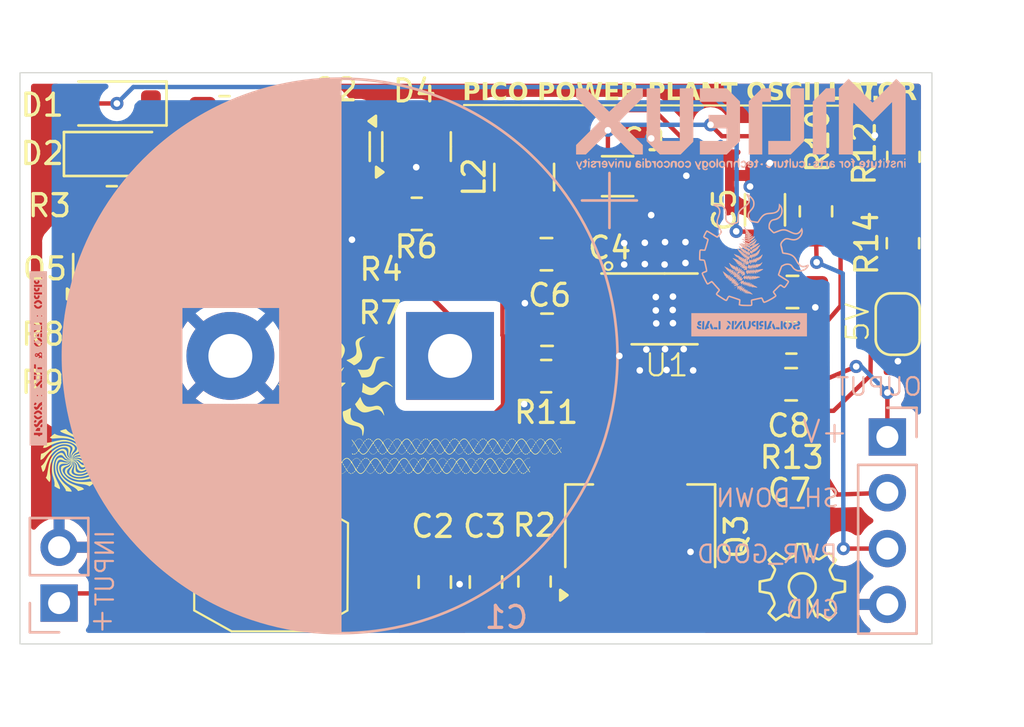
<source format=kicad_pcb>
(kicad_pcb (version 20240108) (generator "pcbnew") (generator_version "8.0")
  (layers (0 "F.Cu" signal) (31 "B.Cu" signal) (34 "B.Paste" user) (35 "F.Paste" user) (36 "B.SilkS" user "B.Silkscreen") (37 "F.SilkS" user "F.Silkscreen") (38 "B.Mask" user) (39 "F.Mask" user) (44 "Edge.Cuts" user))
  (net 0 "")
  (net 1 "Net-(D1-K)")
  (net 2 "GND")
  (net 3 "Net-(J1-Pin_1)")
  (net 4 "Net-(C3-Pad1)")
  (net 5 "Net-(Q3-B)")
  (net 6 "Net-(U1-SW)")
  (net 7 "Net-(U1-BST)")
  (net 8 "Net-(D1-A)")
  (net 9 "Net-(U1-INTVcc)")
  (net 10 "Net-(J2-Pin_1)")
  (net 11 "Net-(U1-FB)")
  (net 12 "Net-(U1-TR{slash}SS)")
  (net 13 "Net-(D3-A)")
  (net 14 "Net-(D4-K)")
  (net 15 "Net-(J2-Pin_3)")
  (net 16 "/SH_DOWN")
  (net 17 "Net-(P2-Pin_2)")
  (net 18 "Net-(Q1-C)")
  (net 19 "Net-(Q1-B)")
  (net 20 "Net-(Q4-E)")
  (net 21 "Net-(Q4-B)")
  (net 22 "Net-(Q5-B)")
  (net 23 "Net-(U1-EN{slash}UV)")
  (net 24 "Net-(U1-RT)")
  (footprint "Capacitor_SMD:C_0805_2012Metric_Pad1.18x1.45mm_HandSolder" (layer "F.Cu") (at 159.48 85.7 180)
    (property "Reference" "C6")
    (property "Value" "1uF")
  )
  (footprint "Capacitor_SMD:C_0805_2012Metric_Pad1.18x1.45mm_HandSolder" (layer "F.Cu") (at 154.37 97.1825 -90)
    (property "Reference" "C2")
    (property "Value" "1uF")
  )
  (footprint "Capacitor_SMD:C_0805_2012Metric_Pad1.18x1.45mm_HandSolder" (layer "F.Cu") (at 156.7 97.1825 90)
    (property "Reference" "C3")
    (property "Value" "1nF")
  )
  (footprint "Resistor_SMD:R_0805_2012Metric_Pad1.20x1.40mm_HandSolder" (layer "F.Cu") (at 170.6 86.05)
    (property "Reference" "R13")
    (property "Value" "1M")
  )
  (footprint "Package_SO:LT8606-MSOP-10-3x3mm" (layer "F.Cu") (at 164.83 84.75)
    (property "Reference" "U1" (hide yes))
    (property "Value" "~")
  )
  (footprint "Resistor_SMD:R_0805_2012Metric_Pad1.20x1.40mm_HandSolder" (layer "F.Cu") (at 139.67 79.9)
    (property "Reference" "R3")
    (property "Value" "10K")
  )
  (footprint "Inductor_SMD:L_1210_3225Metric_Pad1.42x2.65mm_HandSolder" (layer "F.Cu") (at 158.44 78.75 90)
    (property "Reference" "L2")
    (property "Value" "L")
  )
  (footprint "Resistor_SMD:R_0805_2012Metric_Pad1.20x1.40mm_HandSolder" (layer "F.Cu") (at 159.44 87.81 180)
    (property "Reference" "R11")
    (property "Value" "18.2K")
  )
  (footprint "Diode_SMD:D_SOD-123-1N4148W-TP" (layer "F.Cu") (at 142.15 91.7)
    (property "Reference" "D3")
    (property "Value" "1N4148WT")
  )
  (footprint "Capacitor_SMD:C_1206_3216Metric_Pad1.33x1.80mm_HandSolder" (layer "F.Cu") (at 169.4 80.24 90)
    (property "Reference" "C5")
    (property "Value" "1uF")
  )
  (footprint "Capacitor_SMD:C_0805_2012Metric_Pad1.18x1.45mm_HandSolder" (layer "F.Cu") (at 170.59 88.18)
    (property "Reference" "C7")
    (property "Value" "10pF")
  )
  (footprint "Resistor_SMD:R_0805_2012Metric_Pad1.20x1.40mm_HandSolder" (layer "F.Cu") (at 171.72 80.31 -90)
    (property "Reference" "R10")
    (property "Value" "100K")
  )
  (footprint "Capacitor_SMD:C_0805_2012Metric_Pad1.18x1.45mm_HandSolder" (layer "F.Cu") (at 159.4525 82.26 180)
    (property "Reference" "C4")
    (property "Value" "0.1uF")
  )
  (footprint "Package_TO_SOT_SMD:SOT-223" (layer "F.Cu") (at 163.72 94.65 90)
    (property "Reference" "Q3")
    (property "Value" "STN851")
  )
  (footprint "Resistor_SMD:R_0805_2012Metric_Pad1.20x1.40mm_HandSolder" (layer "F.Cu") (at 153.55 80.425)
    (property "Reference" "R6")
    (property "Value" "22K")
  )
  (footprint "Package_TO_SOT_SMD:SOT-23-MMBT3904" (layer "F.Cu") (at 144.65 78.8625 -90)
    (property "Reference" "Q1")
    (property "Value" "2N3906")
  )
  (footprint "Resistor_SMD:R_0805_2012Metric_Pad1.20x1.40mm_HandSolder" (layer "F.Cu") (at 149.1 84.8)
    (property "Reference" "R7")
    (property "Value" "100K")
  )
  (footprint "Resistor_SMD:R_0805_2012Metric_Pad1.20x1.40mm_HandSolder" (layer "F.Cu") (at 175.68 81.76 90)
    (property "Reference" "R14")
    (property "Value" "470K")
  )
  (footprint "Capacitor_SMD:C_1206_3216Metric_Pad1.33x1.80mm_HandSolder" (layer "F.Cu") (at 162.6925 78.71)
    (property "Reference" "C9")
    (property "Value" "10uF")
  )
  (footprint "Jumper:SolderJumper-2_P1.3mm_Open_RoundedPad1.0x1.5mm" (layer "F.Cu") (at 175.44 85.44 90)
    (property "Reference" "P2" (hide yes))
    (property "Value" "SHORT FOR 5V OUTPUT")
  )
  (footprint "Diode_SMD:D_SOD-123-1N4148W-TP" (layer "F.Cu") (at 139.85 77.7)
    (property "Reference" "D2")
    (property "Value" "1N4148WT")
  )
  (footprint "Package_TO_SOT_SMD:SOT-23-MMBT3904" (layer "F.Cu") (at 144.6 82.8375 90)
    (property "Reference" "Q4")
    (property "Value" "2N3904")
  )
  (footprint "Resistor_SMD:R_0805_2012Metric_Pad1.20x1.40mm_HandSolder" (layer "F.Cu") (at 149.1 82.8)
    (property "Reference" "R4")
    (property "Value" "4.7K")
  )
  (footprint "Resistor_SMD:R_0805_2012Metric_Pad1.20x1.40mm_HandSolder" (layer "F.Cu") (at 158.91 97.16 90)
    (property "Reference" "R2")
    (property "Value" "2.4K")
  )
  (footprint "Package_TO_SOT_SMD:SOT-23-MMBT3904" (layer "F.Cu") (at 149.85 77.365 -90)
    (property "Reference" "Q2")
    (property "Value" "2N3906")
  )
  (footprint "Resistor_SMD:R_0805_2012Metric_Pad1.20x1.40mm_HandSolder" (layer "F.Cu") (at 149.65 80.425 180)
    (property "Reference" "R5")
    (property "Value" "1M")
  )
  (footprint "Diode_SMD:D_SOD-123-1N4148W-TP" (layer "F.Cu") (at 139.8 75.4 180)
    (property "Reference" "D1")
    (property "Value" "1N4148WT")
  )
  (footprint "Inductor_SMD:L_CMC_50225C" (layer "F.Cu") (at 146.92 96.5)
    (property "Reference" "L1")
    (property "Value" "50225C")
  )
  (footprint "Package_TO_SOT_SMD:SOT-23-MMBT3904" (layer "F.Cu") (at 139.47 82.905 90)
    (property "Reference" "Q5")
    (property "Value" "2N3904")
  )
  (footprint "Resistor_SMD:R_0805_2012Metric_Pad1.20x1.40mm_HandSolder" (layer "F.Cu") (at 139.4 85.9 180)
    (property "Reference" "R9")
    (property "Value" "10K")
  )
  (footprint "Resistor_SMD:R_0805_2012Metric_Pad1.20x1.40mm_HandSolder" (layer "F.Cu") (at 139.4 88)
    (property "Reference" "R8")
    (property "Value" "10K")
  )
  (footprint "Capacitor_SMD:C_0805_2012Metric_Pad1.18x1.45mm_HandSolder" (layer "F.Cu") (at 170.6525 83.98)
    (property "Reference" "C8")
    (property "Value" "10nF")
  )
  (footprint "Resistor_SMD:R_0805_2012Metric_Pad1.20x1.40mm_HandSolder" (layer "F.Cu") (at 175.7 77.83 -90)
    (property "Reference" "R12")
    (property "Value" "309K")
  )
  (footprint "Package_TO_SOT_SMD:SOT-23-BZX84" (layer "F.Cu") (at 153.54 77.3625 90)
    (property "Reference" "D4")
    (property "Value" "BZX384-A24,215")
  )
  (footprint "Resistor_SMD:R_0805_2012Metric_Pad1.20x1.40mm_HandSolder" (layer "F.Cu") (at 144.8 75.8 180)
    (property "Reference" "R1")
    (property "Value" "1M")
  )
  (footprint "Connector_PinHeader_2.54mm:PinHeader_1x02_P2.54mm_Vertical" (layer "B.Cu") (at 137.27 98.14)
    (property "Reference" "J1" (hide yes))
    (property "Value" "INPUT")
  )
  (footprint "Capacitor_THT:CP_Radial_D25.0mm_P10.00mm_SnapIn" (layer "B.Cu") (at 155.065371 86.89 180)
    (property "Reference" "C1")
    (property "Value" "C_Polarized")
  )
  (footprint "Connector_PinHeader_2.54mm:PinHeader_1x04_P2.54mm_Vertical" (layer "B.Cu") (at 174.97 90.58 180)
    (property "Reference" "J2" (hide yes))
    (property "Value" "Conn_01x04_Pin")
  )
  (gr_poly (pts (xy 175.569003 78.009536) (xy 175.578307 78.009989) (xy 175.587541 78.010827) (xy 175.596665 78.012057) (xy 175.623019 78.016537) (xy 175.633699 78.018923) (xy 175.642868 78.021701) (xy 175.646922 78.023306) (xy 175.650641 78.025092) (xy 175.65404 78.027087) (xy 175.657133 78.029318) (xy 175.659935 78.031812) (xy 175.662459 78.034598) (xy 175.664722 78.037704) (xy 175.666736 78.041156) (xy 175.668516 78.044982) (xy 175.670078 78.049211) (xy 175.671434 78.053869) (xy 175.6726 78.058984) (xy 175.674418 78.070697) (xy 175.675647 78.084571) (xy 175.676402 78.100827) (xy 175.676799 78.119685) (xy 175.676978 78.166095) (xy 175.676896 78.180576) (xy 175.676655 78.194811) (xy 175.67573 78.222223) (xy 175.674268 78.247687) (xy 175.673356 78.259488) (xy 175.672334 78.27056) (xy 175.671211 78.280822) (xy 175.669993 78.290195) (xy 175.66869 78.298598) (xy 175.667309 78.305951) (xy 175.665859 78.312172) (xy 175.664348 78.317181) (xy 175.662783 78.320898) (xy 175.661983 78.322247) (xy 175.661173 78.323243) (xy 175.661178 78.32324) (xy 175.658141 78.326068) (xy 175.655148 78.32844) (xy 175.652203 78.330362) (xy 175.649308 78.331841) (xy 175.646467 78.332882) (xy 175.643684 78.333493) (xy 175.640962 78.333679) (xy 175.638305 78.333446) (xy 175.635715 78.332801) (xy 175.633197 78.33175) (xy 175.630754 78.330299) (xy 175.628389 78.328453) (xy 175.626106 78.326221) (xy 175.623908 78.323607) (xy 175.621799 78.320617) (xy 175.619781 78.317259) (xy 175.616037 78.30946) (xy 175.612703 78.300259) (xy 175.609806 78.289707) (xy 175.607373 78.277851) (xy 175.605434 78.264743) (xy 175.604014 78.250432) (xy 175.603142 78.234966) (xy 175.602845 78.218397) (xy 175.602679 78.209296) (xy 175.60219 78.200324) (xy 175.601391 78.191498) (xy 175.600297 78.182838) (xy 175.59892 78.174362) (xy 175.597274 78.166089) (xy 175.595372 78.158037) (xy 175.593229 78.150225) (xy 175.590858 78.142672) (xy 175.588272 78.135396) (xy 175.585486 78.128416) (xy 175.582511 78.121751) (xy 175.579363 78.115419) (xy 175.576054 78.109438) (xy 175.572598 78.103828) (xy 175.569009 78.098607) (xy 175.5653 78.093794) (xy 175.561485 78.089407) (xy 175.557577 78.085466) (xy 175.55359 78.081987) (xy 175.549538 78.078992) (xy 175.545433 78.076497) (xy 175.541291 78.074521) (xy 175.537123 78.073084) (xy 175.532944 78.072204) (xy 175.528767 78.071899) (xy 175.524606 78.072188) (xy 175.520474 78.07309) (xy 175.516385 78.074624) (xy 175.512352 78.076807) (xy 175.50839 78.079659) (xy 175.504511 78.083198) (xy 175.502219 78.08606) (xy 175.499913 78.089974) (xy 175.497607 78.09487) (xy 175.495318 78.100682) (xy 175.49306 78.107339) (xy 175.490849 78.114775) (xy 175.486628 78.131704) (xy 175.482777 78.150923) (xy 175.479418 78.171882) (xy 175.476675 78.194034) (xy 175.474669 78.216831) (xy 175.472297 78.243476) (xy 175.469224 78.266299) (xy 175.465553 78.285326) (xy 175.463525 78.293424) (xy 175.461386 78.300584) (xy 175.45915 78.306809) (xy 175.456827 78.312102) (xy 175.454432 78.316466) (xy 175.451978 78.319905) (xy 175.449476 78.322423) (xy 175.446941 78.324022) (xy 175.444384 78.324707) (xy 175.441818 78.32448) (xy 175.439257 78.323345) (xy 175.436714 78.321305) (xy 175.4342 78.318365) (xy 175.431729 78.314526) (xy 175.429313 78.309793) (xy 175.426967 78.304169) (xy 175.424701 78.297657) (xy 175.42253 78.290261) (xy 175.41852 78.272831) (xy 175.415042 78.251904) (xy 175.412196 78.227509) (xy 175.410085 78.199672) (xy 175.409037 78.179815) (xy 175.408337 78.161915) (xy 175.408028 78.145824) (xy 175.408034 78.138413) (xy 175.408154 78.131399) (xy 175.408394 78.124766) (xy 175.408759 78.118494) (xy 175.409255 78.112566) (xy 175.409887 78.106964) (xy 175.410661 78.101669) (xy 175.411581 78.096663) (xy 175.412654 78.091929) (xy 175.413885 78.087447) (xy 175.415279 78.083201) (xy 175.416842 78.07917) (xy 175.418579 78.075339) (xy 175.420496 78.071688) (xy 175.422599 78.068199) (xy 175.424892 78.064854) (xy 175.427381 78.061635) (xy 175.430071 78.058524) (xy 175.432969 78.055502) (xy 175.436079 78.052552) (xy 175.439407 78.049656) (xy 175.442959 78.046794) (xy 175.446739 78.04395) (xy 175.450754 78.041104) (xy 175.459508 78.035337) (xy 175.466151 78.031452) (xy 175.473235 78.027857) (xy 175.48072 78.024559) (xy 175.488568 78.021566) (xy 175.496739 78.018885) (xy 175.505193 78.016522) (xy 175.513891 78.014487) (xy 175.522794 78.012785) (xy 175.531863 78.011424) (xy 175.541057 78.010411) (xy 175.550338 78.009754) (xy 175.559666 78.00946)) (stroke (width -0.000001)) (fill solid) (layer "B.SilkS"))
  (gr_poly (pts (xy 164.43315 78.163211) (xy 164.432827 78.19249) (xy 164.431903 78.220428) (xy 164.430443 78.246369) (xy 164.429531 78.258386) (xy 164.42851 78.269657) (xy 164.427386 78.280101) (xy 164.426169 78.289636) (xy 164.424866 78.29818) (xy 164.423485 78.305651) (xy 164.422035 78.311967) (xy 164.420524 78.317046) (xy 164.418959 78.320806) (xy 164.418159 78.322166) (xy 164.417349 78.323165) (xy 164.417348 78.323167) (xy 164.414817 78.325507) (xy 164.412265 78.327493) (xy 164.4097 78.329133) (xy 164.407128 78.330435) (xy 164.404555 78.331405) (xy 164.401987 78.332051) (xy 164.399432 78.332379) (xy 164.396896 78.332397) (xy 164.394386 78.332113) (xy 164.391907 78.331533) (xy 164.389467 78.330664) (xy 164.387072 78.329514) (xy 164.384729 78.328091) (xy 164.382443 78.3264) (xy 164.380222 78.32445) (xy 164.378072 78.322247) (xy 164.376 78.319799) (xy 164.374012 78.317113) (xy 164.372115 78.314196) (xy 164.370315 78.311056) (xy 164.368619 78.307698) (xy 164.367033 78.304132) (xy 164.364218 78.2964) (xy 164.361923 78.287918) (xy 164.3602 78.278742) (xy 164.3591 78.26893) (xy 164.358677 78.25854) (xy 164.358541 78.249471) (xy 164.358248 78.24061) (xy 164.3578 78.231961) (xy 164.357197 78.223526) (xy 164.356442 78.215307) (xy 164.355534 78.207308) (xy 164.354475 78.199532) (xy 164.353268 78.19198) (xy 164.351911 78.184656) (xy 164.350408 78.177563) (xy 164.348759 78.170703) (xy 164.346965 78.16408) (xy 164.345028 78.157695) (xy 164.342949 78.151552) (xy 164.340729 78.145653) (xy 164.338369 78.140001) (xy 164.33587 78.134599) (xy 164.333234 78.12945) (xy 164.330462 78.124557) (xy 164.327555 78.119921) (xy 164.324515 78.115546) (xy 164.321342 78.111436) (xy 164.318038 78.107591) (xy 164.314603 78.104016) (xy 164.31104 78.100713) (xy 164.30735 78.097684) (xy 164.303533 78.094933) (xy 164.29959 78.092462) (xy 164.295524 78.090275) (xy 164.291336 78.088373) (xy 164.287025 78.086759) (xy 164.282595 78.085437) (xy 164.275021 78.083303) (xy 164.268136 78.081051) (xy 164.261929 78.078693) (xy 164.25639 78.076242) (xy 164.251511 78.073709) (xy 164.247281 78.071108) (xy 164.243692 78.068449) (xy 164.240733 78.065745) (xy 164.238396 78.063009) (xy 164.23667 78.060252) (xy 164.235547 78.057487) (xy 164.235017 78.054726) (xy 164.23507 78.051981) (xy 164.235696 78.049264) (xy 164.236888 78.046587) (xy 164.238634 78.043963) (xy 164.240925 78.041404) (xy 164.243753 78.038922) (xy 164.247107 78.036528) (xy 164.250978 78.034236) (xy 164.255356 78.032058) (xy 164.260233 78.030004) (xy 164.265598 78.028089) (xy 164.271442 78.026324) (xy 164.277756 78.02472) (xy 164.284529 78.023291) (xy 164.299419 78.021005) (xy 164.316035 78.019562) (xy 164.334302 78.019059) (xy 164.43315 78.019059)) (stroke (width -0.000001)) (fill solid) (layer "B.SilkS"))
  (gr_poly (pts (xy 168.441183 80.991753) (xy 168.441887 80.991885) (xy 168.442666 80.9921) (xy 168.44352 80.992394) (xy 168.444451 80.992766) (xy 168.445459 80.99321) (xy 168.447713 80.994306) (xy 168.450289 80.995655) (xy 168.452112 80.996813) (xy 168.454296 80.998517) (xy 168.456813 81.000733) (xy 168.459635 81.003429) (xy 168.466074 81.010124) (xy 168.473381 81.018333) (xy 168.481327 81.02779) (xy 168.489678 81.038226) (xy 168.498205 81.049373) (xy 168.506675 81.060963) (xy 168.510873 81.066753) (xy 168.515081 81.072381) (xy 168.519273 81.077817) (xy 168.523421 81.083032) (xy 168.527498 81.087998) (xy 168.531478 81.092685) (xy 168.535331 81.097063) (xy 168.539033 81.101105) (xy 168.542554 81.10478) (xy 168.545868 81.10806) (xy 168.548947 81.110915) (xy 168.551765 81.113316) (xy 168.554293 81.115234) (xy 168.555441 81.116004) (xy 168.556506 81.116641) (xy 168.557485 81.117143) (xy 168.558374 81.117506) (xy 168.559171 81.117727) (xy 168.559872 81.117801) (xy 168.560572 81.117826) (xy 168.561256 81.117899) (xy 168.561926 81.118021) (xy 168.562579 81.118189) (xy 168.563217 81.118404) (xy 168.563837 81.118665) (xy 168.564441 81.11897) (xy 168.565027 81.11932) (xy 168.565594 81.119712) (xy 168.566143 81.120147) (xy 168.566673 81.120623) (xy 168.567183 81.12114) (xy 168.568143 81.122293) (xy 168.569018 81.123599) (xy 168.569804 81.125052) (xy 168.570499 81.126645) (xy 168.571097 81.128371) (xy 168.571595 81.130225) (xy 168.57199 81.132199) (xy 168.572276 81.134288) (xy 168.572451 81.136484) (xy 168.57251 81.138782) (xy 168.572554 81.141755) (xy 168.572691 81.144425) (xy 168.572931 81.146802) (xy 168.573093 81.147883) (xy 168.573284 81.148894) (xy 168.573507 81.149837) (xy 168.573761 81.150712) (xy 168.574048 81.15152) (xy 168.57437 81.152263) (xy 168.574728 81.152943) (xy 168.575123 81.153559) (xy 168.575555 81.154113) (xy 168.576028 81.154607) (xy 168.576541 81.155041) (xy 168.577095 81.155417) (xy 168.577693 81.155735) (xy 168.578335 81.155998) (xy 168.579023 81.156206) (xy 168.579757 81.15636) (xy 168.58054 81.156461) (xy 168.581372 81.156512) (xy 168.582254 81.156512) (xy 168.583188 81.156462) (xy 168.584175 81.156365) (xy 168.585216 81.156221) (xy 168.587466 81.155798) (xy 168.589948 81.155202) (xy 168.591065 81.154922) (xy 168.592142 81.154678) (xy 168.59318 81.15447) (xy 168.594179 81.154299) (xy 168.595139 81.154163) (xy 168.596061 81.154064) (xy 168.596944 81.154001) (xy 168.597789 81.153975) (xy 168.598596 81.153985) (xy 168.599366 81.154033) (xy 168.600099 81.154118) (xy 168.600795 81.15424) (xy 168.601454 81.154399) (xy 168.602077 81.154596) (xy 168.602664 81.154831) (xy 168.603215 81.155103) (xy 168.60373 81.155414) (xy 168.60421 81.155762) (xy 168.604655 81.156149) (xy 168.605066 81.156575) (xy 168.605442 81.157039) (xy 168.605784 81.157542) (xy 168.606092 81.158084) (xy 168.606366 81.158664) (xy 168.606608 81.159284) (xy 168.606816 81.159944) (xy 168.606991 81.160643) (xy 168.607134 81.161381) (xy 168.607244 81.16216) (xy 168.607323 81.162978) (xy 168.60737 81.163837) (xy 168.607386 81.164735) (xy 168.607403 81.165458) (xy 168.607453 81.166171) (xy 168.607537 81.166874) (xy 168.607653 81.167567) (xy 168.607799 81.168247) (xy 168.607976 81.168914) (xy 168.608183 81.169568) (xy 168.608418 81.170208) (xy 168.608681 81.170832) (xy 168.60897 81.171439) (xy 168.609286 81.172029) (xy 168.609627 81.172601) (xy 168.609993 81.173154) (xy 168.610382 81.173687) (xy 168.610794 81.174199) (xy 168.611228 81.174689) (xy 168.611683 81.175157) (xy 168.612158 81.1756) (xy 168.612652 81.17602) (xy 168.613165 81.176414) (xy 168.613696 81.176781) (xy 168.614244 81.177122) (xy 168.614807 81.177434) (xy 168.615386 81.177717) (xy 168.615979 81.17797) (xy 168.616586 81.178193) (xy 168.617206 81.178384) (xy 168.617837 81.178542) (xy 168.618479 81.178666) (xy 168.619132 81.178756) (xy 168.619794 81.178811) (xy 168.620464 81.178829) (xy 168.621217 81.178853) (xy 168.621952 81.178925) (xy 168.622667 81.179044) (xy 168.623362 81.17921) (xy 168.624038 81.179421) (xy 168.624693 81.179679) (xy 168.625327 81.179981) (xy 168.625941 81.180328) (xy 168.626533 81.180719) (xy 168.627103 81.181153) (xy 168.627652 81.18163) (xy 168.628178 81.18215) (xy 168.628682 81.182712) (xy 168.629163 81.183314) (xy 168.630055 81.184642) (xy 168.630851 81.186129) (xy 168.63155 81.18777) (xy 168.632148 81.189561) (xy 168.632643 81.191499) (xy 168.633033 81.193579) (xy 168.633314 81.195796) (xy 168.633485 81.198147) (xy 168.633542 81.200626) (xy 168.633598 81.203505) (xy 168.633767 81.206152) (xy 168.633896 81.207391) (xy 168.634056 81.208574) (xy 168.634246 81.209702) (xy 168.634468 81.210776) (xy 168.634723 81.211797) (xy 168.635011 81.212765) (xy 168.635332 81.213682) (xy 168.635687 81.214548) (xy 168.636078 81.215364) (xy 168.636504 81.21613) (xy 168.636966 81.216849) (xy 168.637465 81.217519) (xy 168.638001 81.218143) (xy 168.638576 81.218721) (xy 168.639189 81.219254) (xy 168.639842 81.219742) (xy 168.640535 81.220186) (xy 168.641268 81.220588) (xy 168.642043 81.220947) (xy 168.642859 81.221266) (xy 168.643718 81.221544) (xy 168.644621 81.221782) (xy 168.645567 81.221981) (xy 168.646558 81.222143) (xy 168.647594 81.222267) (xy 168.648675 81.222354) (xy 168.649803 81.222406) (xy 168.650978 81.222424) (xy 168.653403 81.222494) (xy 168.65561 81.222713) (xy 168.657609 81.223092) (xy 168.658533 81.223346) (xy 168.659408 81.223645) (xy 168.660234 81.223991) (xy 168.661014 81.224384) (xy 168.661749 81.224827) (xy 168.662438 81.225321) (xy 168.663084 81.225868) (xy 168.663686 81.226469) (xy 168.664247 81.227125) (xy 168.664768 81.227839) (xy 168.665249 81.228611) (xy 168.665691 81.229444) (xy 168.666096 81.230339) (xy 168.666464 81.231297) (xy 168.666797 81.23232) (xy 168.667095 81.23341) (xy 168.667593 81.235795) (xy 168.667966 81.238465) (xy 168.668222 81.241432) (xy 168.668369 81.244708) (xy 168.668416 81.248306) (xy 168.668455 81.251783) (xy 168.668576 81.254934) (xy 168.668668 81.25639) (xy 168.668782 81.257767) (xy 168.668919 81.259067) (xy 168.66908 81.260291) (xy 168.669264 81.261438) (xy 168.669473 81.262511) (xy 168.669707 81.26351) (xy 168.669967 81.264437) (xy 168.670253 81.265292) (xy 168.670566 81.266076) (xy 168.670906 81.26679) (xy 168.671275 81.267435) (xy 168.671673 81.268012) (xy 168.6721 81.268522) (xy 168.672556 81.268966) (xy 168.673044 81.269345) (xy 168.673562 81.269661) (xy 168.674113 81.269912) (xy 168.674695 81.270102) (xy 168.675311 81.270231) (xy 168.67596 81.270299) (xy 168.676643 81.270308) (xy 168.677361 81.270259) (xy 168.678115 81.270152) (xy 168.678904 81.269989) (xy 168.67973 81.26977) (xy 168.680594 81.269497) (xy 168.681495 81.26917) (xy 168.683283 81.268565) (xy 168.684916 81.268187) (xy 168.685676 81.268087) (xy 168.686399 81.268048) (xy 168.687087 81.26807) (xy 168.687739 81.268156) (xy 168.688357 81.268305) (xy 168.688941 81.26852) (xy 168.689491 81.268802) (xy 168.690009 81.269152) (xy 168.690495 81.269571) (xy 168.69095 81.27006) (xy 168.691374 81.27062) (xy 168.691768 81.271253) (xy 168.692133 81.27196) (xy 168.69247 81.272742) (xy 168.693061 81.274536) (xy 168.693545 81.276645) (xy 168.69393 81.279078) (xy 168.694219 81.281844) (xy 168.694419 81.284954) (xy 168.694535 81.288417) (xy 168.694573 81.292243) (xy 168.694628 81.301338) (xy 168.694741 81.304974) (xy 168.694949 81.30803) (xy 168.695098 81.309346) (xy 168.695281 81.310525) (xy 168.695502 81.311568) (xy 168.695766 81.312479) (xy 168.696074 81.31326) (xy 168.696432 81.313913) (xy 168.696842 81.314441) (xy 168.697309 81.314847) (xy 168.697836 81.315132) (xy 168.698426 81.3153) (xy 168.699083 81.315352) (xy 168.69981 81.315292) (xy 168.700612 81.315122) (xy 168.701492 81.314845) (xy 168.702454 81.314462) (xy 168.7035 81.313977) (xy 168.704636 81.313392) (xy 168.705863 81.31271) (xy 168.70861 81.311062) (xy 168.71177 81.309054) (xy 168.715371 81.306707) (xy 168.717516 81.305347) (xy 168.719655 81.304078) (xy 168.721773 81.302905) (xy 168.723856 81.30183) (xy 168.725893 81.30086) (xy 168.727869 81.299997) (xy 168.729771 81.299247) (xy 168.731586 81.298614) (xy 168.733301 81.298102) (xy 168.734901 81.297716) (xy 168.736375 81.29746) (xy 168.73706 81.297382) (xy 168.737708 81.297338) (xy 168.738317 81.297329) (xy 168.738887 81.297355) (xy 168.739414 81.297417) (xy 168.739899 81.297515) (xy 168.740338 81.29765) (xy 168.74073 81.297822) (xy 168.741074 81.298032) (xy 168.741368 81.298281) (xy 168.742001 81.299059) (xy 168.742531 81.300016) (xy 168.74296 81.301143) (xy 168.74329 81.302433) (xy 168.743663 81.305464) (xy 168.743669 81.309041) (xy 168.743326 81.313095) (xy 168.742654 81.317559) (xy 168.74167 81.322364) (xy 168.740394 81.327442) (xy 168.738844 81.332726) (xy 168.737038 81.338146) (xy 168.734995 81.343635) (xy 168.732734 81.349125) (xy 168.730273 81.354548) (xy 168.727631 81.359834) (xy 168.724826 81.364917) (xy 168.721878 81.369728) (xy 168.708345 81.390611) (xy 168.74488 81.367548) (xy 168.752311 81.362916) (xy 168.759422 81.358593) (xy 168.766046 81.354677) (xy 168.772013 81.35126) (xy 168.777155 81.348438) (xy 168.781303 81.346305) (xy 168.782952 81.345527) (xy 168.78429 81.344956) (xy 168.785295 81.344605) (xy 168.785946 81.344485) (xy 168.786179 81.344518) (xy 168.786408 81.344616) (xy 168.786856 81.345) (xy 168.78729 81.345623) (xy 168.787706 81.346473) (xy 168.788101 81.347537) (xy 168.788475 81.348803) (xy 168.788824 81.350256) (xy 168.789147 81.351885) (xy 168.78944 81.353676) (xy 168.789701 81.355617) (xy 168.79012 81.359895) (xy 168.790386 81.364615) (xy 168.790478 81.369675) (xy 168.790282 81.375125) (xy 168.789672 81.380405) (xy 168.788622 81.38555) (xy 168.787101 81.390598) (xy 168.78508 81.395586) (xy 168.782531 81.400551) (xy 168.779425 81.405528) (xy 168.775732 81.410555) (xy 168.771424 81.415669) (xy 168.766471 81.420906) (xy 168.760845 81.426303) (xy 168.754517 81.431897) (xy 168.747457 81.437724) (xy 168.739637 81.443822) (xy 168.731028 81.450227) (xy 168.7216 81.456975) (xy 168.713984 81.4624) (xy 168.707055 81.467462) (xy 168.70095 81.472049) (xy 168.698251 81.474129) (xy 168.69581 81.47605) (xy 168.693645 81.477796) (xy 168.691774 81.479355) (xy 168.690213 81.480711) (xy 168.68898 81.481853) (xy 168.688092 81.482764) (xy 168.687784 81.48313) (xy 168.687568 81.483432) (xy 168.687447 81.483671) (xy 168.687423 81.483844) (xy 168.687499 81.483948) (xy 168.687677 81.483984) (xy 168.68994 81.48335) (xy 168.694702 81.481534) (xy 168.71055 81.474864) (xy 168.73287 81.464992) (xy 168.759311 81.452937) (xy 168.766255 81.449789) (xy 168.773198 81.446757) (xy 168.780096 81.443855) (xy 168.786904 81.441098) (xy 168.793579 81.438501) (xy 168.800077 81.436078) (xy 168.806352 81.433843) (xy 168.812361 81.431811) (xy 168.81806 81.429997) (xy 168.823404 81.428415) (xy 168.828349 81.427079) (xy 168.832851 81.426004) (xy 168.836866 81.425204) (xy 168.84035 81.424694) (xy 168.843258 81.424488) (xy 168.845546 81.424602) (xy 168.84856 81.425095) (xy 168.851094 81.425685) (xy 168.853121 81.426423) (xy 168.853937 81.426864) (xy 168.854618 81.427361) (xy 168.85516 81.427921) (xy 168.855559 81.428551) (xy 168.855813 81.429256) (xy 168.85592 81.430043) (xy 168.855874 81.430919) (xy 168.855674 81.43189) (xy 168.855316 81.432963) (xy 168.854798 81.434143) (xy 168.853266 81.436854) (xy 168.851053 81.440074) (xy 168.848135 81.443856) (xy 168.844485 81.448249) (xy 168.84008 81.453307) (xy 168.834893 81.45908) (xy 168.822078 81.472979) (xy 168.817505 81.47775) (xy 168.812583 81.48262) (xy 168.807358 81.487555) (xy 168.801876 81.492519) (xy 168.796182 81.497478) (xy 168.790323 81.502395) (xy 168.784345 81.507236) (xy 168.778292 81.511965) (xy 168.772212 81.516548) (xy 168.766149 81.52095) (xy 168.76015 81.525134) (xy 168.75426 81.529066) (xy 168.748526 81.532712) (xy 168.742992 81.536034) (xy 168.737705 81.538999) (xy 168.732711 81.541572) (xy 168.728739 81.543542) (xy 168.724923 81.545486) (xy 168.721266 81.547402) (xy 168.71777 81.549287) (xy 168.714439 81.55114) (xy 168.711274 81.552958) (xy 168.708278 81.554737) (xy 168.705453 81.556477) (xy 168.702801 81.558174) (xy 168.700325 81.559826) (xy 168.698028 81.56143) (xy 168.695911 81.562985) (xy 168.693977 81.564488) (xy 168.692228 81.565935) (xy 168.690667 81.567326) (xy 168.689296 81.568657) (xy 168.688117 81.569927) (xy 168.687133 81.571132) (xy 168.686347 81.57227) (xy 168.685759 81.573339) (xy 168.685374 81.574336) (xy 168.685258 81.574807) (xy 168.685194 81.57526) (xy 168.68518 81.575693) (xy 168.685219 81.576106) (xy 168.685311 81.576501) (xy 168.685454 81.576875) (xy 168.685651 81.577228) (xy 168.685901 81.577561) (xy 168.686204 81.577873) (xy 168.686561 81.578164) (xy 168.686972 81.578434) (xy 168.687437 81.578681) (xy 168.688532 81.57911) (xy 168.689848 81.579447) (xy 168.691387 81.579691) (xy 168.693152 81.579839) (xy 168.695144 81.579889) (xy 168.698235 81.579673) (xy 168.701661 81.579019) (xy 168.705433 81.577923) (xy 168.709561 81.576377) (xy 168.714055 81.574376) (xy 168.718924 81.571913) (xy 168.724178 81.568981) (xy 168.729829 81.565576) (xy 168.735885 81.56169) (xy 168.742357 81.557317) (xy 168.756588 81.547087) (xy 168.772601 81.534835) (xy 168.790477 81.520511) (xy 168.800014 81.51303) (xy 168.810319 81.505497) (xy 168.821218 81.498002) (xy 168.832536 81.490634) (xy 168.844098 81.483483) (xy 168.855729 81.47664) (xy 168.867255 81.470194) (xy 168.878501 81.464236) (xy 168.889292 81.458854) (xy 168.899453 81.45414) (xy 168.908809 81.450183) (xy 168.917185 81.447073) (xy 168.924407 81.444901) (xy 168.9303 81.443755) (xy 168.932693 81.443596) (xy 168.934688 81.443727) (xy 168.936264 81.444159) (xy 168.937398 81.444905) (xy 168.937639 81.445228) (xy 168.937821 81.445652) (xy 168.938013 81.446794) (xy 168.937981 81.448308) (xy 168.937734 81.450169) (xy 168.937281 81.452354) (xy 168.936629 81.45484) (xy 168.935788 81.457602) (xy 168.934765 81.460618) (xy 168.932209 81.467314) (xy 168.929027 81.474739) (xy 168.925287 81.482703) (xy 168.921056 81.491018) (xy 168.91794 81.496618) (xy 168.914516 81.502192) (xy 168.910753 81.50777) (xy 168.906621 81.513383) (xy 168.902089 81.519061) (xy 168.897125 81.524836) (xy 168.891699 81.530737) (xy 168.885781 81.536796) (xy 168.879339 81.543044) (xy 168.872342 81.54951) (xy 168.86476 81.556227) (xy 168.856562 81.563223) (xy 168.838194 81.578181) (xy 168.816992 81.594628) (xy 168.800018 81.607336) (xy 168.783395 81.619389) (xy 168.767542 81.63051) (xy 168.75288 81.64042) (xy 168.73983 81.648841) (xy 168.73404 81.652406) (xy 168.728811 81.655496) (xy 168.724194 81.658074) (xy 168.720243 81.660106) (xy 168.71701 81.661558) (xy 168.714547 81.662394) (xy 168.712278 81.66304) (xy 168.710125 81.663806) (xy 168.709095 81.664232) (xy 168.708095 81.664688) (xy 168.707126 81.665171) (xy 168.70619 81.665681) (xy 168.705285 81.666218) (xy 168.704414 81.666781) (xy 168.703576 81.66737) (xy 168.702772 81.667984) (xy 168.702003 81.668623) (xy 168.701268 81.669285) (xy 168.700568 81.669971) (xy 168.699905 81.67068) (xy 168.699278 81.671411) (xy 168.698687 81.672164) (xy 168.698134 81.672938) (xy 168.697619 81.673733) (xy 168.697142 81.674548) (xy 168.696704 81.675382) (xy 168.696306 81.676236) (xy 168.695947 81.677108) (xy 168.695629 81.677997) (xy 168.695351 81.678904) (xy 168.695115 81.679828) (xy 168.694921 81.680768) (xy 168.694769 81.681724) (xy 168.694659 81.682695) (xy 168.694593 81.68368) (xy 168.694571 81.684679) (xy 168.69504 81.69043) (xy 168.695632 81.692868) (xy 168.69647 81.695011) (xy 168.697558 81.696859) (xy 168.698902 81.698408) (xy 168.700505 81.699657) (xy 168.702373 81.700605) (xy 168.70451 81.701248) (xy 168.706922 81.701586) (xy 168.709614 81.701617) (xy 168.712589 81.701338) (xy 168.719411 81.699843) (xy 168.727428 81.697089) (xy 168.736677 81.693058) (xy 168.747198 81.687736) (xy 168.75903 81.681108) (xy 168.77221 81.673159) (xy 168.786778 81.663872) (xy 168.802773 81.653234) (xy 168.839196 81.627842) (xy 168.860351 81.612955) (xy 168.880673 81.599067) (xy 168.899674 81.586481) (xy 168.916867 81.575503) (xy 168.931766 81.566434) (xy 168.938203 81.562712) (xy 168.943885 81.559581) (xy 168.948749 81.557079) (xy 168.952736 81.555246) (xy 168.955784 81.554118) (xy 168.956938 81.55383) (xy 168.957833 81.553733) (xy 168.961832 81.554127) (xy 168.96493 81.55528) (xy 168.967163 81.55715) (xy 168.968564 81.559697) (xy 168.969168 81.562877) (xy 168.969009 81.566649) (xy 168.968121 81.570972) (xy 168.966539 81.575802) (xy 168.961428 81.586821) (xy 168.953949 81.599371) (xy 168.944377 81.613118) (xy 168.932986 81.627726) (xy 168.920048 81.642861) (xy 168.905839 81.658188) (xy 168.890631 81.673372) (xy 168.8747 81.688078) (xy 168.858317 81.701972) (xy 168.841759 81.71472) (xy 168.825297 81.725985) (xy 168.809207 81.735433) (xy 168.803908 81.738314) (xy 168.798704 81.741253) (xy 168.793624 81.744229) (xy 168.788699 81.747221) (xy 168.783956 81.750208) (xy 168.779425 81.753169) (xy 168.775136 81.756082) (xy 168.771117 81.758927) (xy 168.767398 81.761682) (xy 168.764008 81.764326) (xy 168.760976 81.766838) (xy 168.758331 81.769197) (xy 168.756104 81.771382) (xy 168.754322 81.773371) (xy 168.753607 81.774286) (xy 168.753015 81.775144) (xy 168.752549 81.775942) (xy 168.752212 81.776678) (xy 168.751511 81.778305) (xy 168.751123 81.779063) (xy 168.750712 81.779783) (xy 168.750277 81.780467) (xy 168.749817 81.781113) (xy 168.749333 81.781721) (xy 168.748825 81.782293) (xy 168.748293 81.782827) (xy 168.747738 81.783323) (xy 168.747158 81.783783) (xy 168.746554 81.784205) (xy 168.745926 81.78459) (xy 168.745274 81.784937) (xy 168.744599 81.785247) (xy 168.743899 81.78552) (xy 168.743176 81.785756) (xy 168.742429 81.785954) (xy 168.741658 81.786114) (xy 168.740864 81.786237) (xy 168.740045 81.786323) (xy 168.739204 81.786371) (xy 168.737449 81.786355) (xy 168.7356 81.78619) (xy 168.733657 81.785874) (xy 168.73162 81.785408) (xy 168.72949 81.784792) (xy 168.727013 81.784054) (xy 168.724766 81.783492) (xy 168.723725 81.783279) (xy 168.722739 81.783113) (xy 168.721804 81.782995) (xy 168.720921 81.782925) (xy 168.720088 81.782904) (xy 168.719304 81.782934) (xy 168.718568 81.783015) (xy 168.717879 81.783149) (xy 168.717234 81.783335) (xy 168.716634 81.783576) (xy 168.716077 81.783872) (xy 168.715561 81.784223) (xy 168.715086 81.784632) (xy 168.714651 81.785098) (xy 168.714253 81.785623) (xy 168.713892 81.786207) (xy 168.713567 81.786852) (xy 168.713277 81.787558) (xy 168.71302 81.788327) (xy 168.712795 81.789159) (xy 168.712601 81.790055) (xy 168.712437 81.791016) (xy 168.712193 81.793138) (xy 168.712054 81.795531) (xy 168.71201 81.798203) (xy 168.712056 81.800554) (xy 168.712115 81.801653) (xy 168.712197 81.802702) (xy 168.712304 81.8037) (xy 168.712434 81.804649) (xy 168.712588 81.805546) (xy 168.712767 81.806394) (xy 168.712971 81.807193) (xy 168.713199 81.807942) (xy 168.713452 81.808641) (xy 168.71373 81.809291) (xy 168.714033 81.809892) (xy 168.714362 81.810445) (xy 168.714716 81.810948) (xy 168.715096 81.811404) (xy 168.715502 81.811811) (xy 168.715934 81.81217) (xy 168.716392 81.812481) (xy 168.716876 81.812744) (xy 168.717388 81.81296) (xy 168.717925 81.813128) (xy 168.71849 81.81325) (xy 168.719082 81.813324) (xy 168.7197 81.813351) (xy 168.720347 81.813332) (xy 168.72102 81.813267) (xy 168.721722 81.813155) (xy 168.722451 81.812997) (xy 168.723209 81.812793) (xy 168.723994 81.812543) (xy 168.724808 81.812248) (xy 168.725472 81.812009) (xy 168.726144 81.811799) (xy 168.726821 81.811617) (xy 168.727503 81.811463) (xy 168.728189 81.811336) (xy 168.728878 81.811236) (xy 168.729568 81.811163) (xy 168.730257 81.811117) (xy 168.730946 81.811097) (xy 168.731632 81.811104) (xy 168.732315 81.811135) (xy 168.732993 81.811192) (xy 168.733665 81.811274) (xy 168.734329 81.811381) (xy 168.734986 81.811512) (xy 168.735632 81.811667) (xy 168.736268 81.811846) (xy 168.736892 81.812049) (xy 168.737502 81.812274) (xy 168.738098 81.812522) (xy 168.738679 81.812793) (xy 168.739242 81.813086) (xy 168.739788 81.813401) (xy 168.740314 81.813737) (xy 168.740819 81.814095) (xy 168.741303 81.814473) (xy 168.741764 81.814873) (xy 168.742201 81.815292) (xy 168.742612 81.815731) (xy 168.742997 81.81619) (xy 168.743354 81.816669) (xy 168.743682 81.817166) (xy 168.744046 81.817721) (xy 168.744414 81.818221) (xy 168.744787 81.818666) (xy 168.745165 81.819055) (xy 168.745548 81.819389) (xy 168.745935 81.819668) (xy 168.746325 81.819893) (xy 168.74672 81.820063) (xy 168.747118 81.820179) (xy 168.74752 81.82024) (xy 168.747925 81.820248) (xy 168.748332 81.820201) (xy 168.748742 81.820101) (xy 168.749155 81.819947) (xy 168.749569 81.81974) (xy 168.749985 81.81948) (xy 168.750403 81.819166) (xy 168.750823 81.8188) (xy 168.751243 81.818381) (xy 168.751665 81.81791) (xy 168.752087 81.817386) (xy 168.752509 81.81681) (xy 168.753355 81.815501) (xy 168.754199 81.813986) (xy 168.75504 81.812265) (xy 168.755875 81.81034) (xy 168.756704 81.808212) (xy 168.757578 81.806023) (xy 168.758038 81.804992) (xy 168.758513 81.804005) (xy 168.759003 81.803062) (xy 168.759508 81.802162) (xy 168.760028 81.801306) (xy 168.760561 81.800494) (xy 168.761109 81.799726) (xy 168.761671 81.799002) (xy 168.762246 81.798322) (xy 168.762835 81.797687) (xy 168.763436 81.797097) (xy 168.764051 81.796551) (xy 168.764678 81.796051) (xy 168.765318 81.795595) (xy 168.76597 81.795185) (xy 168.766634 81.794821) (xy 168.76731 81.794502) (xy 168.767997 81.794228) (xy 168.768696 81.794001) (xy 168.769406 81.79382) (xy 168.770127 81.793685) (xy 168.770858 81.793596) (xy 168.7716 81.793554) (xy 168.772352 81.793559) (xy 168.773114 81.79361) (xy 168.773886 81.793709) (xy 168.774667 81.793855) (xy 168.775458 81.794048) (xy 168.776257 81.794288) (xy 168.777066 81.794576) (xy 168.777864 81.794868) (xy 168.77864 81.795122) (xy 168.779393 81.795339) (xy 168.780123 81.795518) (xy 168.780829 81.795659) (xy 168.781512 81.795763) (xy 168.782172 81.79583) (xy 168.782807 81.79586) (xy 168.783418 81.795853) (xy 168.784006 81.795808) (xy 168.784568 81.795727) (xy 168.785107 81.79561) (xy 168.785621 81.795455) (xy 168.78611 81.795264) (xy 168.786573 81.795037) (xy 168.787012 81.794774) (xy 168.787426 81.794474) (xy 168.787814 81.794138) (xy 168.788176 81.793766) (xy 168.788512 81.793359) (xy 168.788823 81.792916) (xy 168.789107 81.792437) (xy 168.789365 81.791922) (xy 168.789597 81.791372) (xy 168.789802 81.790787) (xy 168.78998 81.790167) (xy 168.790131 81.789512) (xy 168.790256 81.788821) (xy 168.790352 81.788096) (xy 168.790422 81.787336) (xy 168.790463 81.786542) (xy 168.790477 81.785712) (xy 168.790494 81.784994) (xy 168.790545 81.784285) (xy 168.790629 81.783586) (xy 168.790744 81.782898) (xy 168.790891 81.782222) (xy 168.791068 81.781558) (xy 168.791274 81.780908) (xy 168.791509 81.780273) (xy 168.791772 81.779652) (xy 168.792062 81.779049) (xy 168.792378 81.778462) (xy 168.792719 81.777893) (xy 168.793085 81.777344) (xy 168.793474 81.776814) (xy 168.793886 81.776305) (xy 168.794319 81.775818) (xy 168.794774 81.775353) (xy 168.795249 81.774912) (xy 168.795744 81.774495) (xy 168.796257 81.774104) (xy 168.796788 81.773738) (xy 168.797335 81.7734) (xy 168.797899 81.77309) (xy 168.798478 81.772808) (xy 168.799071 81.772556) (xy 168.799678 81.772335) (xy 168.800297 81.772146) (xy 168.800929 81.771989) (xy 168.801571 81.771865) (xy 168.802224 81.771775) (xy 168.802885 81.771721) (xy 168.803556 81.771703) (xy 168.804226 81.771685) (xy 168.804888 81.771635) (xy 168.80554 81.771551) (xy 168.806183 81.771436) (xy 168.806814 81.771289) (xy 168.807433 81.771112) (xy 168.80804 81.770906) (xy 168.808633 81.770671) (xy 168.809212 81.770408) (xy 168.809776 81.770118) (xy 168.810324 81.769802) (xy 168.810854 81.769461) (xy 168.811367 81.769095) (xy 168.811862 81.768706) (xy 168.812337 81.768294) (xy 168.812792 81.767861) (xy 168.813226 81.767406) (xy 168.813638 81.766931) (xy 168.814027 81.766436) (xy 168.814392 81.765923) (xy 168.814733 81.765392) (xy 168.815049 81.764845) (xy 168.815339 81.764281) (xy 168.815602 81.763702) (xy 168.815837 81.763109) (xy 168.816043 81.762502) (xy 168.81622 81.761883) (xy 168.816367 81.761251) (xy 168.816483 81.760609) (xy 168.816566 81.759956) (xy 168.816617 81.759295) (xy 168.816634 81.758624) (xy 168.816657 81.757947) (xy 168.816723 81.75728) (xy 168.816834 81.756623) (xy 168.816986 81.755976) (xy 168.817179 81.755341) (xy 168.817413 81.754719) (xy 168.817686 81.75411) (xy 168.817996 81.753515) (xy 168.818344 81.752935) (xy 168.818727 81.752371) (xy 168.819145 81.751823) (xy 168.819597 81.751293) (xy 168.820081 81.750781) (xy 168.820597 81.750287) (xy 168.82172 81.74936) (xy 168.822956 81.748518) (xy 168.824297 81.747768) (xy 168.825735 81.747116) (xy 168.82726 81.746568) (xy 168.828865 81.74613) (xy 168.830541 81.74581) (xy 168.832279 81.745613) (xy 168.834072 81.745546) (xy 168.834966 81.745535) (xy 168.835848 81.745501) (xy 168.836718 81.745445) (xy 168.837575 81.745368) (xy 168.838417 81.74527) (xy 168.839243 81.745152) (xy 168.840052 81.745015) (xy 168.840843 81.744858) (xy 168.841615 81.744683) (xy 168.842366 81.74449) (xy 168.843097 81.744279) (xy 168.843804 81.744052) (xy 168.844488 81.743808) (xy 168.845148 81.743549) (xy 168.845781 81.743275) (xy 168.846387 81.742985) (xy 168.846966 81.742682) (xy 168.847515 81.742365) (xy 168.848034 81.742036) (xy 168.848521 81.741694) (xy 168.848976 81.74134) (xy 168.849397 81.740975) (xy 168.849783 81.740599) (xy 168.850134 81.740213) (xy 168.850447 81.739818) (xy 168.850722 81.739413) (xy 168.850958 81.739) (xy 168.851154 81.738579) (xy 168.851308 81.738151) (xy 168.851419 81.737716) (xy 168.851487 81.737275) (xy 168.851509 81.736828) (xy 168.85153 81.736381) (xy 168.85159 81.73594) (xy 168.851689 81.735505) (xy 168.851826 81.735076) (xy 168.851999 81.734655) (xy 168.852209 81.734242) (xy 168.852454 81.733838) (xy 168.852732 81.733442) (xy 168.853387 81.73268) (xy 168.854165 81.731961) (xy 168.855059 81.73129) (xy 168.856061 81.73067) (xy 168.857162 81.730106) (xy 168.858356 81.729603) (xy 168.859633 81.729165) (xy 168.860987 81.728796) (xy 168.862408 81.728502) (xy 168.86389 81.728286) (xy 168.865424 81.728153) (xy 168.867002 81.728108) (xy 168.868894 81.727792) (xy 168.87135 81.726863) (xy 168.87433 81.725352) (xy 168.877796 81.723293) (xy 168.881708 81.720714) (xy 168.886027 81.717648) (xy 168.890715 81.714127) (xy 168.895733 81.710181) (xy 168.9066 81.701139) (xy 168.918318 81.690775) (xy 168.930574 81.679337) (xy 168.943056 81.667078) (xy 168.955341 81.654818) (xy 168.967033 81.643381) (xy 168.977859 81.633016) (xy 168.987546 81.623975) (xy 168.995823 81.616507) (xy 168.999347 81.613441) (xy 169.002416 81.610863) (xy 169.004997 81.608803) (xy 169.007055 81.607293) (xy 169.008556 81.606364) (xy 169.009087 81.606127) (xy 169.009465 81.606047) (xy 169.010388 81.606258) (xy 169.011128 81.606878) (xy 169.011691 81.607889) (xy 169.012082 81.609272) (xy 169.01237 81.613075) (xy 169.012037 81.618138) (xy 169.011127 81.624309) (xy 169.009684 81.631437) (xy 169.007753 81.639369) (xy 169.005376 81.647956) (xy 169.0026 81.657045) (xy 168.999466 81.666485) (xy 168.996021 81.676125) (xy 168.992307 81.685814) (xy 168.988369 81.6954) (xy 168.984252 81.704732) (xy 168.979998 81.713659) (xy 168.975653 81.722029) (xy 168.973183 81.726451) (xy 168.970567 81.730918) (xy 168.967826 81.735402) (xy 168.964983 81.739871) (xy 168.962062 81.744295) (xy 168.959084 81.748643) (xy 168.956073 81.752886) (xy 168.953052 81.756993) (xy 168.950043 81.760933) (xy 168.94707 81.764676) (xy 168.944154 81.768193) (xy 168.941318 81.771451) (xy 168.938586 81.774421) (xy 168.93598 81.777073) (xy 168.933523 81.779376) (xy 168.931238 81.7813) (xy 168.92759 81.784186) (xy 168.924418 81.786755) (xy 168.921714 81.789055) (xy 168.920536 81.790118) (xy 168.919473 81.791132) (xy 168.918523 81.792102) (xy 168.917686 81.793034) (xy 168.916961 81.793934) (xy 168.916347 81.794807) (xy 168.915843 81.79566) (xy 168.915449 81.796498) (xy 168.915163 81.797327) (xy 168.914984 81.798153) (xy 168.914912 81.798982) (xy 168.914945 81.79982) (xy 168.915084 81.800672) (xy 168.915326 81.801545) (xy 168.915672 81.802444) (xy 168.916119 81.803375) (xy 168.916668 81.804344) (xy 168.917318 81.805357) (xy 168.918067 81.80642) (xy 168.918914 81.807538) (xy 168.920901 81.809963) (xy 168.923272 81.812681) (xy 168.92602 81.815738) (xy 168.942057 81.833456) (xy 168.952213 81.814478) (xy 168.952792 81.81342) (xy 168.95337 81.812408) (xy 168.953949 81.811442) (xy 168.954526 81.810523) (xy 168.955101 81.80965) (xy 168.955675 81.808824) (xy 168.956245 81.808045) (xy 168.956813 81.807314) (xy 168.957377 81.806631) (xy 168.957937 81.805995) (xy 168.958492 81.805409) (xy 168.959042 81.804871) (xy 168.959586 81.804382) (xy 168.960124 81.803943) (xy 168.960655 81.803554) (xy 168.961179 81.803214) (xy 168.961695 81.802925) (xy 168.962202 81.802687) (xy 168.962701 81.8025) (xy 168.963191 81.802364) (xy 168.963671 81.80228) (xy 168.96414 81.802248) (xy 168.964599 81.802268) (xy 168.965046 81.802341) (xy 168.965481 81.802466) (xy 168.965904 81.802645) (xy 168.966314 81.802878) (xy 168.96671 81.803164) (xy 168.967093 81.803505) (xy 168.96746 81.8039) (xy 168.967813 81.80435) (xy 168.968151 81.804855) (xy 168.968557 81.805399) (xy 168.96906 81.805875) (xy 168.970359 81.806624) (xy 168.972046 81.807104) (xy 168.974118 81.807315) (xy 168.976573 81.807257) (xy 168.97941 81.806931) (xy 168.982625 81.806338) (xy 168.986216 81.805479) (xy 168.990183 81.804353) (xy 168.994521 81.802962) (xy 168.999229 81.801306) (xy 169.004305 81.799385) (xy 169.015553 81.794753) (xy 169.028244 81.789069) (xy 169.04868 81.779862) (xy 169.066857 81.7722) (xy 169.082769 81.76608) (xy 169.089874 81.763597) (xy 169.096411 81.761498) (xy 169.10238 81.759784) (xy 169.107779 81.758452) (xy 169.112608 81.757504) (xy 169.116867 81.756938) (xy 169.120555 81.756754) (xy 169.123671 81.756952) (xy 169.126214 81.757531) (xy 169.128185 81.758491) (xy 169.129581 81.759831) (xy 169.130404 81.761552) (xy 169.130651 81.763651) (xy 169.130323 81.76613) (xy 169.129418 81.768988) (xy 169.127937 81.772223) (xy 169.125878 81.775837) (xy 169.123241 81.779827) (xy 169.120026 81.784195) (xy 169.116231 81.788939) (xy 169.111856 81.794059) (xy 169.1069 81.799555) (xy 169.095245 81.811672) (xy 169.081259 81.825286) (xy 169.061053 81.844615) (xy 169.042445 81.862736) (xy 169.034387 81.870708) (xy 169.027502 81.877616) (xy 169.022051 81.883206) (xy 169.01829 81.887224) (xy 169.016835 81.888778) (xy 169.015308 81.890289) (xy 169.01372 81.891748) (xy 169.012085 81.893148) (xy 169.010416 81.894481) (xy 169.008726 81.89574) (xy 169.007026 81.896915) (xy 169.00533 81.898) (xy 169.003651 81.898987) (xy 169.002001 81.899867) (xy 169.000394 81.900633) (xy 168.998841 81.901278) (xy 168.997355 81.901793) (xy 168.99595 81.90217) (xy 168.994638 81.902403) (xy 168.994021 81.902462) (xy 168.993432 81.902482) (xy 168.992861 81.902499) (xy 168.992298 81.90255) (xy 168.991742 81.902633) (xy 168.991195 81.902749) (xy 168.990657 81.902895) (xy 168.99013 81.903072) (xy 168.989613 81.903279) (xy 168.989107 81.903514) (xy 168.988614 81.903777) (xy 168.988134 81.904066) (xy 168.987668 81.904382) (xy 168.987216 81.904723) (xy 168.986779 81.905089) (xy 168.986357 81.905478) (xy 168.985953 81.90589) (xy 168.985565 81.906323) (xy 168.985196 81.906778) (xy 168.984845 81.907253) (xy 168.984513 81.907748) (xy 168.984202 81.908261) (xy 168.983911 81.908792) (xy 168.983642 81.909339) (xy 168.983396 81.909903) (xy 168.983172 81.910482) (xy 168.982971 81.911075) (xy 168.982796 81.911682) (xy 168.982645 81.912301) (xy 168.98252 81.912933) (xy 168.982422 81.913575) (xy 168.98235 81.914228) (xy 168.982307 81.91489) (xy 168.982293 81.91556) (xy 168.98227 81.916237) (xy 168.982203 81.916904) (xy 168.982093 81.917562) (xy 168.981941 81.918208) (xy 168.981747 81.918843) (xy 168.981513 81.919465) (xy 168.981241 81.920074) (xy 168.98093 81.920669) (xy 168.980583 81.921249) (xy 168.980199 81.921813) (xy 168.979781 81.922361) (xy 168.97933 81.922891) (xy 168.978845 81.923404) (xy 168.978329 81.923897) (xy 168.977207 81.924824) (xy 168.975971 81.925666) (xy 168.97463 81.926416) (xy 168.973192 81.927069) (xy 168.971666 81.927617) (xy 168.970062 81.928054) (xy 168.968386 81.928375) (xy 168.966647 81.928571) (xy 168.964855 81.928638) (xy 168.963961 81.92865) (xy 168.963078 81.928684) (xy 168.962208 81.928739) (xy 168.961352 81.928816) (xy 168.96051 81.928914) (xy 168.959684 81.929032) (xy 168.958875 81.92917) (xy 168.958084 81.929326) (xy 168.957312 81.929501) (xy 168.95656 81.929695) (xy 168.95583 81.929905) (xy 168.955122 81.930132) (xy 168.954438 81.930376) (xy 168.953779 81.930635) (xy 168.953146 81.93091) (xy 168.952539 81.931199) (xy 168.951961 81.931502) (xy 168.951412 81.931819) (xy 168.950893 81.932149) (xy 168.950405 81.932491) (xy 168.949951 81.932844) (xy 168.94953 81.933209) (xy 168.949143 81.933585) (xy 168.948793 81.933971) (xy 168.94848 81.934367) (xy 168.948204 81.934771) (xy 168.947968 81.935184) (xy 168.947773 81.935605) (xy 168.947619 81.936033) (xy 168.947508 81.936468) (xy 168.94744 81.93691) (xy 168.947417 81.937357) (xy 168.947388 81.937803) (xy 168.947301 81.938245) (xy 168.947158 81.93868) (xy 168.94696 81.939108) (xy 168.946709 81.939529) (xy 168.946406 81.939941) (xy 168.945651 81.940741) (xy 168.944705 81.941503) (xy 168.943581 81.942222) (xy 168.942289 81.942894) (xy 168.940842 81.943514) (xy 168.93925 81.944077) (xy 168.937526 81.94458) (xy 168.93568 81.945018) (xy 168.933724 81.945387) (xy 168.93167 81.945681) (xy 168.929529 81.945897) (xy 168.927313 81.946029) (xy 168.925032 81.946075) (xy 168.921673 81.946111) (xy 168.918686 81.94623) (xy 168.916056 81.946446) (xy 168.914871 81.946595) (xy 168.913772 81.946773) (xy 168.912755 81.946984) (xy 168.91182 81.947228) (xy 168.910965 81.947507) (xy 168.910188 81.947824) (xy 168.909487 81.948179) (xy 168.908862 81.948576) (xy 168.90831 81.949015) (xy 168.90783 81.949499) (xy 168.90742 81.950029) (xy 168.907078 81.950607) (xy 168.906804 81.951236) (xy 168.906595 81.951916) (xy 168.906449 81.95265) (xy 168.906366 81.95344) (xy 168.906343 81.954287) (xy 168.906379 81.955193) (xy 168.906472 81.956161) (xy 168.906621 81.957192) (xy 168.906824 81.958287) (xy 168.90708 81.959449) (xy 168.907741 81.961981) (xy 168.908593 81.964801) (xy 168.909518 81.967813) (xy 168.91025 81.970468) (xy 168.910766 81.97278) (xy 168.911046 81.974764) (xy 168.911089 81.975638) (xy 168.911065 81.976435) (xy 168.910971 81.977156) (xy 168.910803 81.977805) (xy 168.910559 81.978383) (xy 168.910236 81.97889) (xy 168.909832 81.97933) (xy 168.909343 81.979704) (xy 168.908767 81.980014) (xy 168.908101 81.980262) (xy 168.907342 81.980449) (xy 168.906487 81.980577) (xy 168.905535 81.980648) (xy 168.904481 81.980663) (xy 168.902059 81.980536) (xy 168.899199 81.98021) (xy 168.895879 81.979698) (xy 168.892077 81.979015) (xy 168.88777 81.978175) (xy 168.883855 81.97742) (xy 168.880351 81.976809) (xy 168.877244 81.976347) (xy 168.875835 81.976174) (xy 168.874519 81.97604) (xy 168.873296 81.975947) (xy 168.872162 81.975895) (xy 168.871116 81.975885) (xy 168.870157 81.975917) (xy 168.869283 81.975992) (xy 168.868491 81.976112) (xy 168.86778 81.976275) (xy 168.867147 81.976485) (xy 168.866593 81.97674) (xy 168.866113 81.977042) (xy 168.865707 81.977391) (xy 168.865373 81.977789) (xy 168.865108 81.978236) (xy 168.864912 81.978732) (xy 168.864782 81.979279) (xy 168.864716 81.979877) (xy 168.864713 81.980526) (xy 168.86477 81.981228) (xy 168.864886 81.981984) (xy 168.865059 81.982793) (xy 168.865288 81.983657) (xy 168.86557 81.984577) (xy 168.865903 81.985553) (xy 168.866286 81.986585) (xy 168.867014 81.988622) (xy 168.867533 81.990424) (xy 168.867825 81.991996) (xy 168.867881 81.992698) (xy 168.867874 81.993345) (xy 168.867802 81.993938) (xy 168.867662 81.994476) (xy 168.867453 81.994961) (xy 168.867172 81.995394) (xy 168.866818 81.995776) (xy 168.866387 81.996106) (xy 168.865879 81.996386) (xy 168.865291 81.996616) (xy 168.86462 81.996798) (xy 168.863865 81.996931) (xy 168.862093 81.997056) (xy 168.859958 81.996996) (xy 168.857442 81.996757) (xy 168.854529 81.996345) (xy 168.851202 81.995765) (xy 168.847442 81.995024) (xy 168.843235 81.994125) (xy 168.838643 81.993137) (xy 168.834592 81.992319) (xy 168.831055 81.991685) (xy 168.82801 81.991248) (xy 168.826663 81.991107) (xy 168.82543 81.991021) (xy 168.824307 81.990991) (xy 168.823291 81.991019) (xy 168.822379 81.991105) (xy 168.821568 81.991253) (xy 168.820855 81.991463) (xy 168.820237 81.991738) (xy 168.819711 81.992078) (xy 168.819273 81.992486) (xy 168.818921 81.992963) (xy 168.818651 81.993511) (xy 168.818461 81.994132) (xy 168.818346 81.994827) (xy 168.818305 81.995598) (xy 168.818334 81.996446) (xy 168.81843 81.997374) (xy 168.81859 81.998382) (xy 168.81881 81.999473) (xy 168.819089 82.000648) (xy 168.819806 82.003257) (xy 168.820716 82.006223) (xy 168.821004 82.007163) (xy 168.821266 82.00809) (xy 168.821503 82.009004) (xy 168.821715 82.009904) (xy 168.821903 82.010788) (xy 168.822066 82.011656) (xy 168.822205 82.012506) (xy 168.82232 82.013338) (xy 168.822411 82.014149) (xy 168.822478 82.014938) (xy 168.822521 82.015706) (xy 168.822541 82.016449) (xy 168.822538 82.017168) (xy 168.822511 82.017861) (xy 168.822461 82.018526) (xy 168.822388 82.019163) (xy 168.822293 82.019771) (xy 168.822175 82.020348) (xy 168.822035 82.020893) (xy 168.821872 82.021405) (xy 168.821687 82.021883) (xy 168.821481 82.022326) (xy 168.821252 82.022732) (xy 168.821002 82.0231) (xy 168.820731 82.023429) (xy 168.820438 82.023718) (xy 168.820124 82.023966) (xy 168.819789 82.024171) (xy 168.819433 82.024333) (xy 168.819057 82.02445) (xy 168.81866 82.024521) (xy 168.818242 82.024545) (xy 168.817811 82.024568) (xy 168.817374 82.024636) (xy 168.816931 82.024747) (xy 168.816484 82.024901) (xy 168.816032 82.025097) (xy 168.815578 82.025333) (xy 168.814663 82.025921) (xy 168.813746 82.026658) (xy 168.812834 82.027534) (xy 168.811932 82.02854) (xy 168.811048 82.029668) (xy 168.810187 82.030908) (xy 168.809358 82.032251) (xy 168.808565 82.033689) (xy 168.807817 82.035213) (xy 168.807118 82.036813) (xy 168.806477 82.03848) (xy 168.8059 82.040207) (xy 168.805392 82.041983) (xy 168.804775 82.044032) (xy 168.804035 82.045949) (xy 168.803176 82.047733) (xy 168.802205 82.049384) (xy 168.801126 82.050902) (xy 168.799945 82.052288) (xy 168.798667 82.05354) (xy 168.797298 82.05466) (xy 168.795843 82.055648) (xy 168.794307 82.056502) (xy 168.792696 82.057224) (xy 168.791016 82.057814) (xy 168.789271 82.058271) (xy 168.787467 82.058595) (xy 168.78561 82.058787) (xy 168.783704 82.058846) (xy 168.781756 82.058772) (xy 168.77977 82.058567) (xy 168.777752 82.058228) (xy 168.775708 82.057758) (xy 168.773642 82.057154) (xy 168.771561 82.056419) (xy 168.769469 82.055551) (xy 168.767372 82.05455) (xy 168.765275 82.053418) (xy 168.763184 82.052153) (xy 168.761104 82.050756) (xy 168.759041 82.049226) (xy 168.756999 82.047564) (xy 168.754985 82.04577) (xy 168.753004 82.043844) (xy 168.75106 82.041785) (xy 168.747636 82.03827) (xy 168.745992 82.036787) (xy 168.744394 82.035485) (xy 168.742842 82.034364) (xy 168.741337 82.033424) (xy 168.739881 82.032663) (xy 168.738472 82.032082) (xy 168.737113 82.03168) (xy 168.735804 82.031455) (xy 168.734545 82.031408) (xy 168.733337 82.031538) (xy 168.73218 82.031844) (xy 168.731076 82.032326) (xy 168.730025 82.032983) (xy 168.729027 82.033814) (xy 168.728084 82.034819) (xy 168.727195 82.035997) (xy 168.726362 82.037348) (xy 168.725585 82.03887) (xy 168.724864 82.040564) (xy 168.724201 82.042428) (xy 168.723596 82.044463) (xy 168.723049 82.046667) (xy 168.722135 82.051581) (xy 168.721463 82.057166) (xy 168.721037 82.063416) (xy 168.720864 82.070327) (xy 168.720901 82.073309) (xy 168.720959 82.074722) (xy 168.721045 82.076084) (xy 168.721157 82.077394) (xy 168.721297 82.078653) (xy 168.721464 82.079861) (xy 168.721659 82.081018) (xy 168.721882 82.082125) (xy 168.722133 82.083182) (xy 168.722411 82.08419) (xy 168.722718 82.085147) (xy 168.723054 82.086056) (xy 168.723418 82.086915) (xy 168.72381 82.087726) (xy 168.724232 82.088488) (xy 168.724682 82.089202) (xy 168.725162 82.089868) (xy 168.725671 82.090487) (xy 168.726209 82.091057) (xy 168.726778 82.091581) (xy 168.727376 82.092058) (xy 168.728004 82.092488) (xy 168.728662 82.092872) (xy 168.72935 82.093209) (xy 168.730069 82.093501) (xy 168.730818 82.093747) (xy 168.731598 82.093948) (xy 168.732409 82.094104) (xy 168.733251 82.094215) (xy 168.734124 82.094281) (xy 168.735028 82.094303) (xy 168.735776 82.094323) (xy 168.736545 82.094382) (xy 168.738137 82.094615) (xy 168.739791 82.094992) (xy 168.741493 82.095507) (xy 168.743232 82.096152) (xy 168.744993 82.096918) (xy 168.746762 82.097798) (xy 168.748528 82.098785) (xy 168.750276 82.09987) (xy 168.751993 82.101045) (xy 168.753666 82.102304) (xy 168.755282 82.103637) (xy 168.756828 82.105037) (xy 168.758289 82.106496) (xy 168.759653 82.108007) (xy 168.760907 82.109561) (xy 168.761563 82.110412) (xy 168.762204 82.111219) (xy 168.762831 82.11198) (xy 168.763441 82.112697) (xy 168.764036 82.113368) (xy 168.764615 82.113994) (xy 168.765177 82.114575) (xy 168.765722 82.11511) (xy 168.766249 82.115599) (xy 168.766759 82.116042) (xy 168.767252 82.11644) (xy 168.767725 82.116791) (xy 168.76818 82.117096) (xy 168.768616 82.117354) (xy 168.769032 82.117566) (xy 168.769428 82.117732) (xy 168.769804 82.11785) (xy 168.77016 82.117922) (xy 168.770494 82.117946) (xy 168.770807 82.117924) (xy 168.771099 82.117854) (xy 168.771368 82.117736) (xy 168.771615 82.117571) (xy 168.771839 82.117358) (xy 168.77204 82.117098) (xy 168.772218 82.116789) (xy 168.772371 82.116432) (xy 168.7725 82.116027) (xy 168.772605 82.115574) (xy 168.772685 82.115072) (xy 168.772739 82.114521) (xy 168.772767 82.113921) (xy 168.772803 82.113363) (xy 168.77288 82.112811) (xy 168.772998 82.112268) (xy 168.773156 82.111732) (xy 168.773353 82.111206) (xy 168.773587 82.11069) (xy 168.773858 82.110184) (xy 168.774165 82.10969) (xy 168.774505 82.109208) (xy 168.774879 82.108738) (xy 168.775723 82.107839) (xy 168.776688 82.107) (xy 168.777765 82.106225) (xy 168.778945 82.10552) (xy 168.780221 82.104891) (xy 168.781582 82.104344) (xy 168.783022 82.103883) (xy 168.784532 82.103516) (xy 168.786102 82.103246) (xy 168.787724 82.10308) (xy 168.789391 82.103024) (xy 168.79146 82.102925) (xy 168.793424 82.102628) (xy 168.794366 82.102404) (xy 168.795284 82.102129) (xy 168.796175 82.101803) (xy 168.797042 82.101425) (xy 168.797885 82.100995) (xy 168.798703 82.100513) (xy 168.799496 82.099977) (xy 168.800267 82.099389) (xy 168.801013 82.098747) (xy 168.801737 82.098051) (xy 168.803117 82.096496) (xy 168.804408 82.09472) (xy 168.805612 82.09272) (xy 168.806734 82.090493) (xy 168.807774 82.088036) (xy 168.808735 82.085346) (xy 168.809621 82.08242) (xy 168.810433 82.079255) (xy 168.811174 82.075847) (xy 168.811991 82.071984) (xy 168.812827 82.068509) (xy 168.813696 82.065406) (xy 168.814146 82.063991) (xy 168.814609 82.062664) (xy 168.815086 82.061424) (xy 168.815579 82.060269) (xy 168.81609 82.059198) (xy 168.816621 82.058209) (xy 168.817172 82.057301) (xy 168.817746 82.056471) (xy 168.818343 82.055718) (xy 168.818967 82.055041) (xy 168.819618 82.054438) (xy 168.820297 82.053907) (xy 168.821008 82.053446) (xy 168.82175 82.053055) (xy 168.822526 82.052731) (xy 168.823338 82.052473) (xy 168.824187 82.052279) (xy 168.825074 82.052148) (xy 168.826002 82.052077) (xy 168.826971 82.052066) (xy 168.827984 82.052113) (xy 168.829042 82.052215) (xy 168.830147 82.052372) (xy 168.8313 82.052582) (xy 168.832503 82.052843) (xy 168.833757 82.053154) (xy 168.83484 82.05342) (xy 168.835895 82.053646) (xy 168.836925 82.053831) (xy 168.837928 82.053975) (xy 168.838905 82.054079) (xy 168.839857 82.054141) (xy 168.840783 82.054163) (xy 168.841683 82.054143) (xy 168.842559 82.054083) (xy 168.843409 82.053981) (xy 168.844235 82.053838) (xy 168.845036 82.053653) (xy 168.845812 82.053426) (xy 168.846564 82.053158) (xy 168.847292 82.052849) (xy 168.847996 82.052497) (xy 168.848677 82.052103) (xy 168.849334 82.051668) (xy 168.849967 82.05119) (xy 168.850577 82.05067) (xy 168.851164 82.050107) (xy 168.851729 82.049502) (xy 168.85227 82.048855) (xy 168.85279 82.048165) (xy 168.853287 82.047432) (xy 168.853761 82.046656) (xy 168.854214 82.045837) (xy 168.854645 82.044975) (xy 168.855055 82.04407) (xy 168.855443 82.043122) (xy 168.85581 82.042131) (xy 168.856156 82.041096) (xy 168.856441 82.040248) (xy 168.856753 82.039411) (xy 168.857457 82.037773) (xy 168.858257 82.036191) (xy 168.859146 82.034673) (xy 168.860114 82.033228) (xy 168.861152 82.031864) (xy 168.862253 82.030589) (xy 168.863406 82.029413) (xy 168.864602 82.028343) (xy 168.865834 82.027389) (xy 168.866461 82.026957) (xy 168.867092 82.026558) (xy 168.867728 82.026191) (xy 168.868368 82.025859) (xy 168.869009 82.025562) (xy 168.869651 82.025301) (xy 168.870293 82.025077) (xy 168.870934 82.024891) (xy 168.871573 82.024745) (xy 168.872208 82.02464) (xy 168.872839 82.024575) (xy 168.873464 82.024554) (xy 168.874092 82.024535) (xy 168.874733 82.02448) (xy 168.875385 82.024389) (xy 168.876048 82.024264) (xy 168.876719 82.024105) (xy 168.877398 82.023912) (xy 168.878772 82.023433) (xy 168.880161 82.022833) (xy 168.881554 82.02212) (xy 168.882942 82.021301) (xy 168.884313 82.020383) (xy 168.885658 82.019373) (xy 168.886965 82.018279) (xy 168.888226 82.017108) (xy 168.88943 82.015868) (xy 168.890566 82.014565) (xy 168.891624 82.013207) (xy 168.892595 82.011802) (xy 168.893467 82.010355) (xy 168.893973 82.00947) (xy 168.894474 82.008633) (xy 168.894969 82.007844) (xy 168.895458 82.007105) (xy 168.895943 82.006414) (xy 168.896422 82.005772) (xy 168.896896 82.005178) (xy 168.897365 82.004633) (xy 168.89783 82.004136) (xy 168.89829 82.003687) (xy 168.898745 82.003288) (xy 168.899196 82.002936) (xy 168.899642 82.002633) (xy 168.900085 82.002378) (xy 168.900524 82.002171) (xy 168.900958 82.002012) (xy 168.901389 82.001902) (xy 168.901816 82.00184) (xy 168.90224 82.001825) (xy 168.902661 82.001859) (xy 168.903078 82.001941) (xy 168.903492 82.002071) (xy 168.903903 82.002248) (xy 168.904312 82.002474) (xy 168.904717 82.002747) (xy 168.90512 82.003068) (xy 168.905521 82.003437) (xy 168.905919 82.003853) (xy 168.906316 82.004317) (xy 168.90671 82.004829) (xy 168.907102 82.005388) (xy 168.907492 82.005995) (xy 168.908402 82.007395) (xy 168.909328 82.00868) (xy 168.910267 82.009853) (xy 168.911216 82.010913) (xy 168.912173 82.011862) (xy 168.913134 82.012702) (xy 168.914097 82.013432) (xy 168.915058 82.014053) (xy 168.916014 82.014568) (xy 168.916964 82.014976) (xy 168.917903 82.015278) (xy 168.918828 82.015476) (xy 168.919738 82.01557) (xy 168.920628 82.015562) (xy 168.921496 82.015452) (xy 168.922338 82.015241) (xy 168.923153 82.01493) (xy 168.923936 82.01452) (xy 168.924686 82.014012) (xy 168.925398 82.013407) (xy 168.92607 82.012705) (xy 168.9267 82.011909) (xy 168.927283 82.011018) (xy 168.927818 82.010034) (xy 168.928301 82.008957) (xy 168.928729 82.007789) (xy 168.929099 82.006531) (xy 168.929409 82.005182) (xy 168.929655 82.003745) (xy 168.929835 82.002221) (xy 168.929944 82.000609) (xy 168.929982 81.998911) (xy 168.930024 81.996569) (xy 168.930149 81.994357) (xy 168.930355 81.992276) (xy 168.930639 81.990325) (xy 168.930998 81.988506) (xy 168.931431 81.986819) (xy 168.931933 81.985265) (xy 168.932503 81.983845) (xy 168.933139 81.982559) (xy 168.933837 81.981408) (xy 168.934595 81.980392) (xy 168.935411 81.979512) (xy 168.936282 81.978769) (xy 168.937205 81.978164) (xy 168.938178 81.977696) (xy 168.939199 81.977367) (xy 168.940264 81.977177) (xy 168.941372 81.977127) (xy 168.94252 81.977218) (xy 168.943705 81.97745) (xy 168.944924 81.977823) (xy 168.946176 81.978339) (xy 168.947457 81.978998) (xy 168.948766 81.979801) (xy 168.950098 81.980748) (xy 168.951453 81.98184) (xy 168.952827 81.983078) (xy 168.954218 81.984461) (xy 168.955624 81.985992) (xy 168.957041 81.98767) (xy 168.958467 81.989496) (xy 168.9599 81.991471) (xy 168.964385 81.997817) (xy 168.966203 82.000272) (xy 168.967764 82.002229) (xy 168.969087 82.003676) (xy 168.969666 82.004203) (xy 168.970192 82.004598) (xy 168.97067 82.004858) (xy 168.9711 82.004982) (xy 168.971485 82.004968) (xy 168.971828 82.004814) (xy 168.972131 82.004519) (xy 168.972397 82.004081) (xy 168.972628 82.003498) (xy 168.972827 82.002768) (xy 168.973137 82.000863) (xy 168.973347 81.998351) (xy 168.973476 81.995219) (xy 168.973544 81.991453) (xy 168.973574 81.981965) (xy 168.97361 81.977865) (xy 168.97372 81.974176) (xy 168.973914 81.970883) (xy 168.974045 81.969381) (xy 168.974199 81.967974) (xy 168.974377 81.966659) (xy 168.974581 81.965436) (xy 168.974812 81.964302) (xy 168.97507 81.963255) (xy 168.975357 81.962295) (xy 168.975673 81.96142) (xy 168.976019 81.960627) (xy 168.976396 81.959916) (xy 168.976806 81.959284) (xy 168.977248 81.958731) (xy 168.977725 81.958254) (xy 168.978237 81.957851) (xy 168.978785 81.957522) (xy 168.979369 81.957264) (xy 168.979992 81.957077) (xy 168.980654 81.956957) (xy 168.981355 81.956904) (xy 168.982097 81.956917) (xy 168.982881 81.956992) (xy 168.983707 81.95713) (xy 168.984577 81.957327) (xy 168.985492 81.957583) (xy 168.986452 81.957896) (xy 168.987458 81.958264) (xy 168.988309 81.958572) (xy 168.989143 81.958837) (xy 168.989959 81.959058) (xy 168.990758 81.959235) (xy 168.991539 81.959369) (xy 168.992302 81.95946) (xy 168.993048 81.959508) (xy 168.993776 81.959512) (xy 168.994486 81.959473) (xy 168.995179 81.95939) (xy 168.995853 81.959265) (xy 168.996509 81.959096) (xy 168.997147 81.958884) (xy 168.997768 81.958629) (xy 168.998369 81.958332) (xy 168.998953 81.957991) (xy 168.999518 81.957607) (xy 169.000065 81.95718) (xy 169.000594 81.956711) (xy 169.001104 81.956198) (xy 169.001595 81.955643) (xy 169.002068 81.955045) (xy 169.002521 81.954404) (xy 169.002957 81.953721) (xy 169.003373 81.952995) (xy 169.00377 81.952226) (xy 169.004149 81.951415) (xy 169.004508 81.950562) (xy 169.004849 81.949665) (xy 169.00517 81.948727) (xy 169.005472 81.947746) (xy 169.005754 81.946722) (xy 169.006012 81.945796) (xy 169.006294 81.9449) (xy 169.006598 81.944036) (xy 169.006924 81.943202) (xy 169.007272 81.9424) (xy 169.00764 81.941631) (xy 169.008029 81.940894) (xy 169.008437 81.940191) (xy 169.008865 81.939521) (xy 169.00931 81.938886) (xy 169.009773 81.938285) (xy 169.010252 81.93772) (xy 169.010748 81.93719) (xy 169.01126 81.936696) (xy 169.011786 81.936239) (xy 169.012327 81.93582) (xy 169.012881 81.935437) (xy 169.013449 81.935093) (xy 169.014028 81.934787) (xy 169.014619 81.934521) (xy 169.015222 81.934294) (xy 169.015834 81.934106) (xy 169.016456 81.93396) (xy 169.017088 81.933854) (xy 169.017727 81.93379) (xy 169.018375 81.933768) (xy 169.019029 81.933788) (xy 169.01969 81.933851) (xy 169.020357 81.933957) (xy 169.021028 81.934107) (xy 169.021704 81.934301) (xy 169.022384 81.934541) (xy 169.023076 81.93479) (xy 169.023752 81.935) (xy 169.024411 81.935172) (xy 169.025053 81.935305) (xy 169.025677 81.9354) (xy 169.026284 81.935458) (xy 169.026873 81.935478) (xy 169.027443 81.935461) (xy 169.027994 81.935407) (xy 169.028526 81.935317) (xy 169.029038 81.935191) (xy 169.029531 81.935028) (xy 169.030003 81.934831) (xy 169.030454 81.934597) (xy 169.030884 81.934329) (xy 169.031293 81.934026) (xy 169.031679 81.933689) (xy 169.032044 81.933317) (xy 169.032386 81.932912) (xy 169.032705 81.932473) (xy 169.033 81.932001) (xy 169.033272 81.931496) (xy 169.03352 81.930959) (xy 169.033743 81.930389) (xy 169.033941 81.929788) (xy 169.034114 81.929154) (xy 169.034262 81.928489) (xy 169.034383 81.927793) (xy 169.034478 81.927067) (xy 169.034547 81.926309) (xy 169.034588 81.925522) (xy 169.034602 81.924705) (xy 169.034613 81.923967) (xy 169.034647 81.923252) (xy 169.034703 81.922561) (xy 169.03478 81.921895) (xy 169.034878 81.921254) (xy 169.034996 81.920638) (xy 169.035133 81.920049) (xy 169.03529 81.919487) (xy 169.035465 81.918953) (xy 169.035658 81.918446) (xy 169.035869 81.917968) (xy 169.036096 81.917519) (xy 169.03634 81.9171) (xy 169.036599 81.916711) (xy 169.036873 81.916354) (xy 169.037163 81.916027) (xy 169.037466 81.915733) (xy 169.037782 81.915472) (xy 169.038112 81.915244) (xy 169.038454 81.915049) (xy 169.038808 81.914889) (xy 169.039173 81.914765) (xy 169.039549 81.914675) (xy 169.039935 81.914622) (xy 169.04033 81.914606) (xy 169.040735 81.914627) (xy 169.041148 81.914685) (xy 169.041569 81.914783) (xy 169.041997 81.914919) (xy 169.042432 81.915095) (xy 169.042873 81.915311) (xy 169.04332 81.915569) (xy 169.043767 81.915834) (xy 169.044208 81.916074) (xy 169.044643 81.916288) (xy 169.045072 81.916478) (xy 169.045493 81.916643) (xy 169.045906 81.916784) (xy 169.04631 81.9169) (xy 169.046706 81.916992) (xy 169.047092 81.91706) (xy 169.047468 81.917104) (xy 169.047833 81.917125) (xy 169.048187 81.917123) (xy 169.048529 81.917097) (xy 169.048858 81.917048) (xy 169.049175 81.916977) (xy 169.049478 81.916883) (xy 169.049768 81.916767) (xy 169.050042 81.916628) (xy 169.050302 81.916468) (xy 169.050545 81.916286) (xy 169.050773 81.916082) (xy 169.050983 81.915857) (xy 169.051176 81.915611) (xy 169.051352 81.915344) (xy 169.051508 81.915056) (xy 169.051646 81.914747) (xy 169.051764 81.914418) (xy 169.051862 81.914069) (xy 169.051939 81.9137) (xy 169.051994 81.913311) (xy 169.052028 81.912903) (xy 169.05204 81.912475) (xy 169.052113 81.911999) (xy 169.05233 81.911449) (xy 169.053181 81.910133) (xy 169.054564 81.908548) (xy 169.056451 81.906714) (xy 169.058813 81.904652) (xy 169.061622 81.902382) (xy 169.068463 81.8973) (xy 169.076745 81.89163) (xy 169.08624 81.885536) (xy 169.096717 81.87918) (xy 169.107948 81.872726) (xy 169.123649 81.864074) (xy 169.137429 81.856779) (xy 169.149313 81.850869) (xy 169.159321 81.846371) (xy 169.167479 81.843311) (xy 169.17087 81.84233) (xy 169.173808 81.841719) (xy 169.176294 81.841481) (xy 169.178332 81.841619) (xy 169.179925 81.842138) (xy 169.181075 81.843041) (xy 169.181785 81.84433) (xy 169.182058 81.84601) (xy 169.181898 81.848084) (xy 169.181306 81.850555) (xy 169.180287 81.853427) (xy 169.178842 81.856703) (xy 169.174688 81.86448) (xy 169.168867 81.873914) (xy 169.161404 81.885032) (xy 169.15232 81.897862) (xy 169.141639 81.912431) (xy 169.133362 81.923688) (xy 169.125631 81.93442) (xy 169.118617 81.944374) (xy 169.112488 81.9533) (xy 169.107415 81.960947) (xy 169.103567 81.967062) (xy 169.102155 81.969467) (xy 169.101114 81.971395) (xy 169.100463 81.972814) (xy 169.100292 81.973323) (xy 169.100225 81.973694) (xy 169.100171 81.974317) (xy 169.100057 81.974982) (xy 169.099888 81.975685) (xy 169.099666 81.976419) (xy 169.099395 81.977177) (xy 169.099077 81.977955) (xy 169.098717 81.978745) (xy 169.098316 81.979543) (xy 169.097879 81.980341) (xy 169.097408 81.981133) (xy 169.096906 81.981915) (xy 169.096378 81.982679) (xy 169.095825 81.983421) (xy 169.095251 81.984132) (xy 169.094659 81.984809) (xy 169.094053 81.985444) (xy 169.093472 81.986107) (xy 169.092949 81.986864) (xy 169.092488 81.987708) (xy 169.092088 81.98863) (xy 169.09175 81.989619) (xy 169.091475 81.990669) (xy 169.091264 81.99177) (xy 169.091119 81.992913) (xy 169.091039 81.99409) (xy 169.091025 81.995292) (xy 169.091079 81.99651) (xy 169.091202 81.997735) (xy 169.091394 81.998958) (xy 169.091655 82.000171) (xy 169.091988 82.001366) (xy 169.092393 82.002532) (xy 169.092603 82.003155) (xy 169.092754 82.003778) (xy 169.092848 82.004401) (xy 169.092885 82.005024) (xy 169.092866 82.005644) (xy 169.092792 82.006263) (xy 169.092664 82.006878) (xy 169.092481 82.00749) (xy 169.092246 82.008098) (xy 169.091958 82.008701) (xy 169.091619 82.009299) (xy 169.091229 82.009891) (xy 169.090788 82.010475) (xy 169.090299 82.011052) (xy 169.089174 82.012182) (xy 169.08786 82.013273) (xy 169.086363 82.014321) (xy 169.084688 82.015321) (xy 169.082842 82.016267) (xy 169.080831 82.017154) (xy 169.078659 82.017977) (xy 169.076333 82.01873) (xy 169.073859 82.019408) (xy 169.070829 82.020221) (xy 169.068082 82.021071) (xy 169.066813 82.021511) (xy 169.065612 82.021964) (xy 169.064479 82.022429) (xy 169.063413 82.022908) (xy 169.062413 82.023401) (xy 169.061479 82.02391) (xy 169.06061 82.024435) (xy 169.059804 82.024977) (xy 169.059062 82.025538) (xy 169.058383 82.026117) (xy 169.057765 82.026716) (xy 169.057209 82.027335) (xy 169.056713 82.027977) (xy 169.056276 82.02864) (xy 169.055899 82.029327) (xy 169.055579 82.030039) (xy 169.055317 82.030775) (xy 169.055112 82.031538) (xy 169.054963 82.032327) (xy 169.054869 82.033144) (xy 169.054829 82.03399) (xy 169.054843 82.034865) (xy 169.05491 82.035771) (xy 169.05503 82.036708) (xy 169.055201 82.037677) (xy 169.055422 82.03868) (xy 169.055694 82.039716) (xy 169.056015 82.040788) (xy 169.056719 82.043161) (xy 169.057223 82.045269) (xy 169.057509 82.047122) (xy 169.057564 82.047955) (xy 169.057558 82.048728) (xy 169.057487 82.049442) (xy 169.057349 82.050098) (xy 169.057143 82.050697) (xy 169.056865 82.051241) (xy 169.056513 82.05173) (xy 169.056085 82.052166) (xy 169.055578 82.05255) (xy 169.05499 82.052883) (xy 169.054318 82.053167) (xy 169.05356 82.053402) (xy 169.052714 82.05359) (xy 169.051777 82.053731) (xy 169.04962 82.053881) (xy 169.047071 82.053861) (xy 169.044111 82.05368) (xy 169.040719 82.053348) (xy 169.036876 82.052875) (xy 169.032563 82.05227) (xy 169.027957 82.051609) (xy 169.023914 82.05107) (xy 169.020418 82.050666) (xy 169.017449 82.050409) (xy 169.016158 82.050339) (xy 169.014992 82.050311) (xy 169.013949 82.050325) (xy 169.013028 82.050383) (xy 169.012225 82.050487) (xy 169.011539 82.050638) (xy 169.010967 82.050838) (xy 169.010508 82.051088) (xy 169.010159 82.05139) (xy 169.010025 82.051561) (xy 169.009918 82.051745) (xy 169.009782 82.052155) (xy 169.00975 82.052621) (xy 169.009819 82.053144) (xy 169.009987 82.053727) (xy 169.010252 82.054371) (xy 169.010612 82.055077) (xy 169.011064 82.055847) (xy 169.011606 82.056682) (xy 169.012236 82.057583) (xy 169.012953 82.058553) (xy 169.014634 82.060704) (xy 169.016632 82.063145) (xy 169.018458 82.065391) (xy 169.019281 82.066442) (xy 169.020044 82.067448) (xy 169.020748 82.06841) (xy 169.021392 82.069332) (xy 169.021976 82.070214) (xy 169.022501 82.071059) (xy 169.022966 82.071869) (xy 169.023371 82.072646) (xy 169.023718 82.073392) (xy 169.024004 82.074108) (xy 169.024232 82.074798) (xy 169.024401 82.075462) (xy 169.02451 82.076104) (xy 169.02456 82.076724) (xy 169.024552 82.077326) (xy 169.024484 82.077911) (xy 169.024358 82.07848) (xy 169.024173 82.079037) (xy 169.023929 82.079582) (xy 169.023627 82.080119) (xy 169.023265 82.080649) (xy 169.022846 82.081174) (xy 169.022368 82.081696) (xy 169.021832 82.082218) (xy 169.021237 82.08274) (xy 169.020584 82.083266) (xy 169.019873 82.083797) (xy 169.019104 82.084335) (xy 169.018277 82.084882) (xy 169.017392 82.085441) (xy 169.016136 82.086155) (xy 169.014797 82.086804) (xy 169.013387 82.087386) (xy 169.011916 82.087899) (xy 169.010398 82.088343) (xy 169.008844 82.088715) (xy 169.007266 82.089015) (xy 169.005676 82.08924) (xy 169.004087 82.08939) (xy 169.00251 82.089463) (xy 169.000957 82.089458) (xy 168.99944 82.089372) (xy 168.997971 82.089206) (xy 168.996563 82.088956) (xy 168.995227 82.088622) (xy 168.993975 82.088203) (xy 168.993345 82.087978) (xy 168.992726 82.087792) (xy 168.992119 82.087643) (xy 168.991525 82.087532) (xy 168.990945 82.087457) (xy 168.990378 82.087419) (xy 168.989825 82.087417) (xy 168.989287 82.08745) (xy 168.988765 82.087518) (xy 168.988258 82.087621) (xy 168.987769 82.087758) (xy 168.987296 82.087929) (xy 168.986841 82.088133) (xy 168.986404 82.08837) (xy 168.985986 82.088639) (xy 168.985587 82.088941) (xy 168.985208 82.089273) (xy 168.98485 82.089637) (xy 168.984513 82.090031) (xy 168.984197 82.090455) (xy 168.983903 82.090909) (xy 168.983632 82.091392) (xy 168.983384 82.091904) (xy 168.983159 82.092444) (xy 168.98296 82.093012) (xy 168.982785 82.093607) (xy 168.982635 82.094229) (xy 168.982511 82.094878) (xy 168.982414 82.095553) (xy 168.982344 82.096253) (xy 168.982301 82.096979) (xy 168.982287 82.097729) (xy 168.982264 82.098588) (xy 168.982193 82.099422) (xy 168.982075 82.100231) (xy 168.98191 82.101013) (xy 168.981698 82.10177) (xy 168.981439 82.102502) (xy 168.981133 82.103207) (xy 168.98078 82.103887) (xy 168.98038 82.104541) (xy 168.979934 82.105169) (xy 168.97944 82.105772) (xy 168.9789 82.106348) (xy 168.978313 82.106899) (xy 168.977679 82.107424) (xy 168.976271 82.108396) (xy 168.974676 82.109265) (xy 168.972895 82.110029) (xy 168.970928 82.11069) (xy 168.968775 82.111247) (xy 168.966437 82.111699) (xy 168.963913 82.112047) (xy 168.961205 82.11229) (xy 168.958311 82.112429) (xy 168.957097 82.11247) (xy 168.955927 82.112522) (xy 168.954801 82.112584) (xy 168.95372 82.112657) (xy 168.952685 82.112739) (xy 168.951698 82.112831) (xy 168.950757 82.112933) (xy 168.949866 82.113043) (xy 168.949024 82.113162) (xy 168.948232 82.113289) (xy 168.947491 82.113424) (xy 168.946802 82.113567) (xy 168.946166 82.113717) (xy 168.945584 82.113874) (xy 168.945056 82.114037) (xy 168.944583 82.114207) (xy 168.944167 82.114383) (xy 168.943807 82.114564) (xy 168.943505 82.114751) (xy 168.943263 82.114943) (xy 168.943079 82.115139) (xy 168.94301 82.115239) (xy 168.942956 82.11534) (xy 168.942918 82.115442) (xy 168.942894 82.115545) (xy 168.942887 82.115649) (xy 168.942895 82.115753) (xy 168.942918 82.115859) (xy 168.942958 82.115965) (xy 168.943013 82.116072) (xy 168.943085 82.11618) (xy 168.943276 82.116398) (xy 168.943533 82.116618) (xy 168.943857 82.11684) (xy 168.944247 82.117063) (xy 168.944706 82.117289) (xy 168.945233 82.117515) (xy 168.947157 82.118338) (xy 168.948892 82.119176) (xy 168.95044 82.120027) (xy 168.951803 82.120887) (xy 168.952984 82.121753) (xy 168.953987 82.122624) (xy 168.954812 82.123496) (xy 168.955464 82.124367) (xy 168.955944 82.125234) (xy 168.956255 82.126094) (xy 168.9564 82.126945) (xy 168.956382 82.127784) (xy 168.956202 82.128608) (xy 168.955864 82.129415) (xy 168.955369 82.130202) (xy 168.954722 82.130966) (xy 168.953923 82.131704) (xy 168.952977 82.132415) (xy 168.951885 82.133094) (xy 168.95065 82.13374) (xy 168.949274 82.13435) (xy 168.947761 82.134921) (xy 168.944331 82.135935) (xy 168.940381 82.136761) (xy 168.935932 82.137378) (xy 168.931003 82.137763) (xy 168.925617 82.137897) (xy 168.921111 82.137936) (xy 168.917052 82.138063) (xy 168.91342 82.138291) (xy 168.911756 82.138446) (xy 168.910191 82.138632) (xy 168.908721 82.138849) (xy 168.907345 82.1391) (xy 168.906058 82.139385) (xy 168.90486 82.139707) (xy 168.903746 82.140068) (xy 168.902714 82.140468) (xy 168.901761 82.14091) (xy 168.900885 82.141395) (xy 168.900084 82.141924) (xy 168.899353 82.1425) (xy 168.898691 82.143124) (xy 168.898096 82.143798) (xy 168.897563 82.144523) (xy 168.897091 82.145301) (xy 168.896676 82.146133) (xy 168.896317 82.147022) (xy 168.89601 82.147968) (xy 168.895753 82.148974) (xy 168.895543 82.150042) (xy 168.895377 82.151171) (xy 168.895252 82.152366) (xy 168.895167 82.153626) (xy 168.895102 82.156351) (xy 168.89492 82.159726) (xy 168.894689 82.161252) (xy 168.894364 82.162671) (xy 168.89394 82.163982) (xy 168.893418 82.165186) (xy 168.892794 82.166283) (xy 168.892067 82.167273) (xy 168.891235 82.168156) (xy 168.890296 82.168931) (xy 168.889248 82.1696) (xy 168.888089 82.170162) (xy 168.886818 82.170618) (xy 168.885431 82.170966) (xy 168.883928 82.171209) (xy 168.882306 82.171345) (xy 168.878699 82.171298) (xy 168.874594 82.170827) (xy 168.869977 82.169933) (xy 168.86483 82.168615) (xy 168.85914 82.166876) (xy 168.852891 82.164715) (xy 168.846067 82.162134) (xy 168.838652 82.159132) (xy 168.835851 82.157984) (xy 168.83343 82.157043) (xy 168.831393 82.156328) (xy 168.829742 82.155861) (xy 168.829063 82.155726) (xy 168.828481 82.155661) (xy 168.827997 82.155668) (xy 168.827611 82.155749) (xy 168.827324 82.155908) (xy 168.827136 82.156146) (xy 168.827047 82.156466) (xy 168.827058 82.156871) (xy 168.827169 82.157363) (xy 168.827381 82.157945) (xy 168.828107 82.159388) (xy 168.829238 82.161221) (xy 168.830778 82.163464) (xy 168.83273 82.166137) (xy 168.835095 82.169261) (xy 168.84108 82.176942) (xy 168.843093 82.179584) (xy 168.844928 82.182161) (xy 168.846587 82.18467) (xy 168.848073 82.187105) (xy 168.849386 82.189463) (xy 168.85053 82.19174) (xy 168.851505 82.193931) (xy 168.852315 82.196032) (xy 168.85296 82.198039) (xy 168.853442 82.199947) (xy 168.853765 82.201753) (xy 168.853929 82.203452) (xy 168.853936 82.20504) (xy 168.853788 82.206512) (xy 168.853488 82.207865) (xy 168.853037 82.209094) (xy 168.852437 82.210195) (xy 168.851689 82.211163) (xy 168.850797 82.211995) (xy 168.849761 82.212686) (xy 168.848584 82.213232) (xy 168.847268 82.213629) (xy 168.845814 82.213873) (xy 168.844225 82.213958) (xy 168.842502 82.213882) (xy 168.840647 82.213639) (xy 168.838662 82.213226) (xy 168.83655 82.212638) (xy 168.834311 82.211872) (xy 168.831948 82.210922) (xy 168.829463 82.209785) (xy 168.826858 82.208456) (xy 168.822516 82.206153) (xy 168.818697 82.20419) (xy 168.815375 82.202582) (xy 168.812524 82.201343) (xy 168.811267 82.200867) (xy 168.810119 82.200489) (xy 168.809075 82.200211) (xy 168.808134 82.200034) (xy 168.807291 82.199961) (xy 168.806544 82.199994) (xy 168.805889 82.200134) (xy 168.805323 82.200383) (xy 168.804842 82.200743) (xy 168.804445 82.201215) (xy 168.804127 82.201803) (xy 168.803886 82.202507) (xy 168.803717 82.20333) (xy 168.803619 82.204273) (xy 168.803587 82.205338) (xy 168.803619 82.206527) (xy 168.80386 82.209284) (xy 168.804318 82.21256) (xy 168.804965 82.216369) (xy 168.805777 82.220726) (xy 168.806243 82.223558) (xy 168.806524 82.226192) (xy 168.806624 82.228629) (xy 168.806547 82.230869) (xy 168.806297 82.232912) (xy 168.805879 82.23476) (xy 168.805298 82.236411) (xy 168.804557 82.237867) (xy 168.803661 82.239129) (xy 168.802614 82.240196) (xy 168.80142 82.241069) (xy 168.800084 82.241748) (xy 168.798611 82.242234) (xy 168.797004 82.242528) (xy 168.795267 82.242629) (xy 168.793406 82.242538) (xy 168.791424 82.242255) (xy 168.789326 82.241782) (xy 168.787116 82.241118) (xy 168.784798 82.240264) (xy 168.782377 82.239219) (xy 168.779857 82.237986) (xy 168.774538 82.234952) (xy 168.768874 82.231166) (xy 168.762901 82.226631) (xy 168.756653 82.22135) (xy 168.750165 82.215326) (xy 168.722105 82.188129) (xy 168.715975 82.229006) (xy 168.715054 82.235368) (xy 168.714307 82.241102) (xy 168.713745 82.246258) (xy 168.713537 82.248634) (xy 168.713379 82.250884) (xy 168.713273 82.253013) (xy 168.71322 82.255029) (xy 168.713222 82.256936) (xy 168.713279 82.258742) (xy 168.713395 82.260452) (xy 168.713569 82.262072) (xy 168.713803 82.263608) (xy 168.714099 82.265067) (xy 168.714458 82.266454) (xy 168.714881 82.267777) (xy 168.71537 82.26904) (xy 168.715927 82.27025) (xy 168.716552 82.271413) (xy 168.717247 82.272535) (xy 168.718014 82.273623) (xy 168.718853 82.274681) (xy 168.719767 82.275718) (xy 168.720757 82.276738) (xy 168.721824 82.277747) (xy 168.722969 82.278752) (xy 168.724194 82.27976) (xy 168.7255 82.280775) (xy 168.728363 82.282854) (xy 168.730253 82.284252) (xy 168.732098 82.28576) (xy 168.733888 82.287366) (xy 168.735613 82.289055) (xy 168.737264 82.290812) (xy 168.73883 82.292623) (xy 168.740301 82.294474) (xy 168.741668 82.296351) (xy 168.742921 82.298239) (xy 168.74405 82.300125) (xy 168.745045 82.301994) (xy 168.745897 82.303831) (xy 168.746594 82.305624) (xy 168.747128 82.307357) (xy 168.747489 82.309016) (xy 168.747601 82.309814) (xy 168.747667 82.310587) (xy 168.747789 82.311944) (xy 168.747992 82.312975) (xy 168.748121 82.31337) (xy 168.748269 82.313686) (xy 168.748435 82.313923) (xy 168.748618 82.314084) (xy 168.748817 82.314168) (xy 168.749032 82.314176) (xy 168.749262 82.31411) (xy 168.749508 82.31397) (xy 168.750041 82.313473) (xy 168.750626 82.31269) (xy 168.751258 82.31163) (xy 168.751934 82.310299) (xy 168.752648 82.308704) (xy 168.753396 82.306852) (xy 168.754173 82.304751) (xy 168.754975 82.302406) (xy 168.755797 82.299825) (xy 168.756635 82.297015) (xy 168.757567 82.293893) (xy 168.758504 82.290962) (xy 168.759447 82.288224) (xy 168.760397 82.285676) (xy 168.761355 82.28332) (xy 168.762322 82.281156) (xy 168.763299 82.279182) (xy 168.764285 82.2774) (xy 168.765283 82.275809) (xy 168.766293 82.274409) (xy 168.767316 82.273199) (xy 168.768352 82.27218) (xy 168.769403 82.271351) (xy 168.77047 82.270713) (xy 168.771552 82.270265) (xy 168.772651 82.270007) (xy 168.773769 82.269939) (xy 168.774904 82.270061) (xy 168.77606 82.270373) (xy 168.777235 82.270874) (xy 168.778432 82.271565) (xy 168.779651 82.272445) (xy 168.780892 82.273515) (xy 168.782157 82.274774) (xy 168.783447 82.276221) (xy 168.784762 82.277858) (xy 168.786103 82.279683) (xy 168.787471 82.281697) (xy 168.788866 82.2839) (xy 168.79029 82.286291) (xy 168.791744 82.28887) (xy 168.793228 82.291637) (xy 168.805256 82.314596) (xy 168.815428 82.2742) (xy 168.816485 82.270085) (xy 168.817555 82.266086) (xy 168.81863 82.262222) (xy 168.819702 82.258516) (xy 168.820765 82.254986) (xy 168.82181 82.251656) (xy 168.822832 82.248544) (xy 168.823821 82.245671) (xy 168.824771 82.243059) (xy 168.825676 82.240728) (xy 168.826526 82.238699) (xy 168.827315 82.236993) (xy 168.828036 82.235629) (xy 168.828682 82.23463) (xy 168.828974 82.234273) (xy 168.829244 82.234015) (xy 168.829492 82.233858) (xy 168.829716 82.233805) (xy 168.829946 82.233848) (xy 168.830212 82.233975) (xy 168.830844 82.234472) (xy 168.831602 82.235281) (xy 168.832478 82.236385) (xy 168.83346 82.237766) (xy 168.83454 82.239409) (xy 168.836955 82.243409) (xy 168.839643 82.248253) (xy 168.842528 82.253805) (xy 168.845533 82.259933) (xy 168.84858 82.2665) (xy 168.863327 82.299195) (xy 168.868313 82.266211) (xy 168.869479 82.259175) (xy 168.870094 82.255967) (xy 168.87073 82.252964) (xy 168.871388 82.250167) (xy 168.872069 82.247575) (xy 168.872773 82.245188) (xy 168.873502 82.243006) (xy 168.874255 82.241028) (xy 168.875034 82.239254) (xy 168.875839 82.237683) (xy 168.87667 82.236317) (xy 168.877529 82.235153) (xy 168.878415 82.234192) (xy 168.87933 82.233434) (xy 168.880274 82.232877) (xy 168.881248 82.232523) (xy 168.882252 82.232371) (xy 168.883288 82.232419) (xy 168.884355 82.232669) (xy 168.885454 82.23312) (xy 168.886586 82.233771) (xy 168.887751 82.234622) (xy 168.888951 82.235673) (xy 168.890186 82.236924) (xy 168.891455 82.238374) (xy 168.892761 82.240023) (xy 168.894104 82.24187) (xy 168.895484 82.243916) (xy 168.896901 82.24616) (xy 168.898358 82.248602) (xy 168.899853 82.251241) (xy 168.911915 82.273038) (xy 168.912215 82.244703) (xy 168.912279 82.241734) (xy 168.912403 82.238934) (xy 168.912588 82.236304) (xy 168.912833 82.233843) (xy 168.913137 82.231552) (xy 168.913499 82.229431) (xy 168.913919 82.22748) (xy 168.914397 82.225699) (xy 168.914932 82.224089) (xy 168.915523 82.222649) (xy 168.91617 82.22138) (xy 168.916872 82.220282) (xy 168.917629 82.219355) (xy 168.918441 82.2186) (xy 168.919305 82.218016) (xy 168.920224 82.217604) (xy 168.921194 82.217364) (xy 168.922217 82.217296) (xy 168.923291 82.217401) (xy 168.924416 82.217678) (xy 168.925592 82.218128) (xy 168.926817 82.21875) (xy 168.928092 82.219546) (xy 168.929416 82.220515) (xy 168.930787 82.221658) (xy 168.932206 82.222974) (xy 168.933673 82.224464) (xy 168.935186 82.226128) (xy 168.936745 82.227967) (xy 168.938349 82.22998) (xy 168.939999 82.232167) (xy 168.941693 82.234529) (xy 168.945828 82.24033) (xy 168.947537 82.242567) (xy 168.949041 82.244344) (xy 168.949725 82.245057) (xy 168.950366 82.24565) (xy 168.95097 82.246121) (xy 168.951538 82.24647) (xy 168.952074 82.246695) (xy 168.952582 82.246793) (xy 168.953063 82.246764) (xy 168.953523 82.246605) (xy 168.953963 82.246316) (xy 168.954388 82.245894) (xy 168.954799 82.245339) (xy 168.955202 82.244647) (xy 168.955597 82.243819) (xy 168.95599 82.242852) (xy 168.956779 82.240494) (xy 168.957594 82.237563) (xy 168.958461 82.234045) (xy 168.960453 82.225195) (xy 168.961231 82.221882) (xy 168.962056 82.21882) (xy 168.962485 82.217384) (xy 168.962926 82.216009) (xy 168.963379 82.214698) (xy 168.963843 82.213449) (xy 168.964319 82.212264) (xy 168.964807 82.21114) (xy 168.965306 82.21008) (xy 168.965816 82.209082) (xy 168.966338 82.208147) (xy 168.966872 82.207275) (xy 168.967417 82.206466) (xy 168.967974 82.205719) (xy 168.968543 82.205035) (xy 168.969123 82.204413) (xy 168.969714 82.203854) (xy 168.970318 82.203358) (xy 168.970932 82.202925) (xy 168.971559 82.202554) (xy 168.972197 82.202246) (xy 168.972847 82.202001) (xy 168.973508 82.201818) (xy 168.974181 82.201698) (xy 168.974865 82.201641) (xy 168.975562 82.201646) (xy 168.976269 82.201714) (xy 168.976989 82.201845) (xy 168.97772 82.202038) (xy 168.978463 82.202294) (xy 168.979083 82.202518) (xy 168.979711 82.202716) (xy 168.980343 82.202888) (xy 168.98098 82.203035) (xy 168.98162 82.203157) (xy 168.982262 82.203254) (xy 168.982904 82.203326) (xy 168.983547 82.203374) (xy 168.984188 82.203398) (xy 168.984826 82.203398) (xy 168.985461 82.203375) (xy 168.986091 82.203328) (xy 168.986715 82.203259) (xy 168.987331 82.203167) (xy 168.98794 82.203052) (xy 168.98854 82.202916) (xy 168.989129 82.202758) (xy 168.989706 82.202578) (xy 168.990271 82.202377) (xy 168.990823 82.202155) (xy 168.991359 82.201912) (xy 168.991879 82.201649) (xy 168.992382 82.201366) (xy 168.992867 82.201063) (xy 168.993333 82.20074) (xy 168.993778 82.200398) (xy 168.994201 82.200037) (xy 168.994602 82.199657) (xy 168.994979 82.199259) (xy 168.99533 82.198842) (xy 168.995656 82.198408) (xy 168.995955 82.197956) (xy 168.996253 82.197504) (xy 168.99658 82.197071) (xy 168.996934 82.196655) (xy 168.997312 82.196258) (xy 168.997716 82.195879) (xy 168.998142 82.195519) (xy 168.99906 82.194858) (xy 169.000058 82.194275) (xy 169.001126 82.193774) (xy 169.002255 82.193355) (xy 169.003436 82.193023) (xy 169.00466 82.192778) (xy 169.005918 82.192623) (xy 169.007201 82.19256) (xy 169.0085 82.192592) (xy 169.009805 82.19272) (xy 169.011108 82.192946) (xy 169.0124 82.193274) (xy 169.013671 82.193704) (xy 169.015195 82.194211) (xy 169.015917 82.194389) (xy 169.016612 82.194517) (xy 169.01728 82.194595) (xy 169.017922 82.194622) (xy 169.018538 82.194599) (xy 169.019128 82.194524) (xy 169.019692 82.194398) (xy 169.02023 82.194221) (xy 169.020742 82.193992) (xy 169.021229 82.193712) (xy 169.021691 82.193379) (xy 169.022127 82.192993) (xy 169.022539 82.192556) (xy 169.022926 82.192065) (xy 169.023288 82.191522) (xy 169.023625 82.190925) (xy 169.023939 82.190275) (xy 169.024228 82.189571) (xy 169.024734 82.188001) (xy 169.025145 82.186214) (xy 169.025463 82.184209) (xy 169.025688 82.181982) (xy 169.025823 82.179533) (xy 169.025867 82.17686) (xy 169.025882 82.175626) (xy 169.025925 82.174423) (xy 169.025997 82.173251) (xy 169.026097 82.172111) (xy 169.026225 82.171003) (xy 169.02638 82.169928) (xy 169.026563 82.168886) (xy 169.026772 82.167878) (xy 169.027008 82.166904) (xy 169.02727 82.165966) (xy 169.027558 82.165063) (xy 169.027871 82.164197) (xy 169.028209 82.163367) (xy 169.028572 82.162574) (xy 169.02896 82.16182) (xy 169.029371 82.161104) (xy 169.029806 82.160427) (xy 169.030265 82.159789) (xy 169.030746 82.159192) (xy 169.03125 82.158635) (xy 169.031777 82.15812) (xy 169.032326 82.157646) (xy 169.032896 82.157215) (xy 169.033487 82.156827) (xy 169.0341 82.156482) (xy 169.034733 82.156182) (xy 169.035386 82.155926) (xy 169.03606 82.155715) (xy 169.036752 82.155551) (xy 169.037465 82.155432) (xy 169.038196 82.155361) (xy 169.038945 82.155337) (xy 169.039616 82.15532) (xy 169.040278 82.155269) (xy 169.04093 82.155185) (xy 169.041572 82.15507) (xy 169.042204 82.154923) (xy 169.042823 82.154746) (xy 169.04343 82.15454) (xy 169.044023 82.154305) (xy 169.044602 82.154042) (xy 169.045166 82.153752) (xy 169.045713 82.153436) (xy 169.046244 82.153095) (xy 169.046757 82.15273) (xy 169.047252 82.15234) (xy 169.047727 82.151929) (xy 169.048182 82.151495) (xy 169.048615 82.15104) (xy 169.049027 82.150565) (xy 169.049416 82.15007) (xy 169.049782 82.149557) (xy 169.050123 82.149026) (xy 169.050439 82.148479) (xy 169.050729 82.147915) (xy 169.050992 82.147336) (xy 169.051227 82.146743) (xy 169.051433 82.146136) (xy 169.05161 82.145517) (xy 169.051757 82.144885) (xy 169.051872 82.144243) (xy 169.051956 82.143591) (xy 169.052007 82.142929) (xy 169.052024 82.142258) (xy 169.052041 82.141588) (xy 169.052092 82.140926) (xy 169.052175 82.140274) (xy 169.052291 82.139632) (xy 169.052437 82.139) (xy 169.052614 82.138381) (xy 169.052821 82.137774) (xy 169.053056 82.137181) (xy 169.053319 82.136602) (xy 169.053608 82.136038) (xy 169.053924 82.135491) (xy 169.054265 82.13496) (xy 169.054631 82.134447) (xy 169.05502 82.133952) (xy 169.055432 82.133477) (xy 169.055866 82.133022) (xy 169.056321 82.132588) (xy 169.056796 82.132177) (xy 169.05729 82.131787) (xy 169.057803 82.131422) (xy 169.058334 82.131081) (xy 169.058882 82.130765) (xy 169.059445 82.130475) (xy 169.060024 82.130212) (xy 169.060618 82.129977) (xy 169.061224 82.129771) (xy 169.061844 82.129594) (xy 169.062475 82.129447) (xy 169.063117 82.129332) (xy 169.06377 82.129248) (xy 169.064432 82.129197) (xy 169.065102 82.12918) (xy 169.065772 82.129164) (xy 169.066434 82.129117) (xy 169.067087 82.12904) (xy 169.067729 82.128933) (xy 169.06836 82.128797) (xy 169.06898 82.128633) (xy 169.069586 82.128442) (xy 169.07018 82.128224) (xy 169.070759 82.127981) (xy 169.071322 82.127713) (xy 169.07187 82.12742) (xy 169.072401 82.127104) (xy 169.072914 82.126766) (xy 169.073408 82.126406) (xy 169.073883 82.126024) (xy 169.074338 82.125622) (xy 169.074772 82.125201) (xy 169.075184 82.124761) (xy 169.075573 82.124303) (xy 169.075939 82.123828) (xy 169.07628 82.123337) (xy 169.076596 82.12283) (xy 169.076885 82.122308) (xy 169.077148 82.121772) (xy 169.077383 82.121222) (xy 169.07759 82.120661) (xy 169.077767 82.120087) (xy 169.077913 82.119502) (xy 169.078029 82.118908) (xy 169.078112 82.118304) (xy 169.078163 82.117691) (xy 169.07818 82.11707) (xy 169.078196 82.116451) (xy 169.078241 82.115843) (xy 169.078317 82.115247) (xy 169.078421 82.114663) (xy 169.078553 82.114092) (xy 169.078712 82.113535) (xy 169.078898 82.112992) (xy 169.07911 82.112465) (xy 169.079346 82.111953) (xy 169.079607 82.111459) (xy 169.079892 82.110981) (xy 169.080199 82.110521) (xy 169.080528 82.11008) (xy 169.080878 82.109659) (xy 169.081249 82.109257) (xy 169.08164 82.108876) (xy 169.082049 82.108517) (xy 169.082477 82.10818) (xy 169.082922 82.107865) (xy 169.083384 82.107574) (xy 169.083862 82.107308) (xy 169.084355 82.107066) (xy 169.084863 82.10685) (xy 169.085384 82.10666) (xy 169.085918 82.106497) (xy 169.086465 82.106362) (xy 169.087023 82.106255) (xy 169.087591 82.106178) (xy 169.088169 82.10613) (xy 169.088757 82.106113) (xy 169.089353 82.106126) (xy 169.089956 82.106172) (xy 169.09061 82.106172) (xy 169.091355 82.106047) (xy 169.093104 82.105437) (xy 169.09518 82.104366) (xy 169.097555 82.102859) (xy 169.100204 82.100939) (xy 169.103102 82.09863) (xy 169.106222 82.095956) (xy 169.10954 82.092941) (xy 169.113029 82.08961) (xy 169.116663 82.085986) (xy 169.120417 82.082093) (xy 169.124266 82.077954) (xy 169.128183 82.073595) (xy 169.132143 82.069039) (xy 169.13612 82.064309) (xy 169.140088 82.059431) (xy 169.146398 82.051568) (xy 169.151987 82.044677) (xy 169.156902 82.038728) (xy 169.161191 82.03369) (xy 169.1649 82.029535) (xy 169.166552 82.027778) (xy 169.168078 82.02623) (xy 169.169482 82.024888) (xy 169.170771 82.023748) (xy 169.17195 82.022805) (xy 169.173026 82.022056) (xy 169.174005 82.021498) (xy 169.174892 82.021126) (xy 169.175694 82.020937) (xy 169.176064 82.02091) (xy 169.176415 82.020928) (xy 169.176748 82.020989) (xy 169.177063 82.021093) (xy 169.177361 82.02124) (xy 169.177643 82.02143) (xy 169.178161 82.021935) (xy 169.178623 82.022603) (xy 169.179034 82.023432) (xy 169.179401 82.024418) (xy 169.17973 82.025556) (xy 169.180027 82.026843) (xy 169.180297 82.028276) (xy 169.180546 82.02985) (xy 169.181006 82.033407) (xy 169.181128 82.035947) (xy 169.180974 82.039019) (xy 169.180555 82.042579) (xy 169.179886 82.046586) (xy 169.178977 82.051) (xy 169.177842 82.055778) (xy 169.174941 82.06626) (xy 169.171283 82.077702) (xy 169.166968 82.089769) (xy 169.162094 82.102131) (xy 169.156762 82.114454) (xy 169.154058 82.12052) (xy 169.151483 82.126501) (xy 169.149048 82.132362) (xy 169.146763 82.13807) (xy 169.14464 82.143589) (xy 169.14269 82.148885) (xy 169.140924 82.153923) (xy 169.139353 82.158668) (xy 169.137988 82.163087) (xy 169.13684 82.167144) (xy 169.135921 82.170805) (xy 169.135241 82.174034) (xy 169.134811 82.176799) (xy 169.134644 82.179063) (xy 169.134661 82.179997) (xy 169.134748 82.180793) (xy 169.134906 82.181447) (xy 169.135137 82.181953) (xy 169.135384 82.18239) (xy 169.135593 82.182835) (xy 169.135762 82.183287) (xy 169.135894 82.183746) (xy 169.135989 82.184211) (xy 169.136046 82.18468) (xy 169.136067 82.185153) (xy 169.136053 82.185629) (xy 169.136003 82.186107) (xy 169.135919 82.186586) (xy 169.1358 82.187066) (xy 169.135648 82.187545) (xy 169.135463 82.188023) (xy 169.135246 82.188498) (xy 169.134996 82.188971) (xy 169.134716 82.189439) (xy 169.134405 82.189902) (xy 169.134063 82.19036) (xy 169.133692 82.190811) (xy 169.133292 82.191254) (xy 169.132863 82.191689) (xy 169.132407 82.192115) (xy 169.131923 82.19253) (xy 169.131412 82.192935) (xy 169.130875 82.193327) (xy 169.130312 82.193707) (xy 169.129724 82.194073) (xy 169.129112 82.194424) (xy 169.128475 82.19476) (xy 169.127815 82.195079) (xy 169.127132 82.195382) (xy 169.126427 82.195666) (xy 169.125608 82.195999) (xy 169.124822 82.196358) (xy 169.124071 82.196742) (xy 169.123355 82.19715) (xy 169.122673 82.197583) (xy 169.122026 82.19804) (xy 169.121413 82.198521) (xy 169.120836 82.199025) (xy 169.120293 82.199552) (xy 169.119786 82.200103) (xy 169.119314 82.200676) (xy 169.118877 82.201271) (xy 169.118476 82.201888) (xy 169.11811 82.202527) (xy 169.11778 82.203187) (xy 169.117486 82.203869) (xy 169.117228 82.204571) (xy 169.117006 82.205294) (xy 169.11682 82.206037) (xy 169.11667 82.2068) (xy 169.116557 82.207583) (xy 169.11648 82.208385) (xy 169.11644 82.209206) (xy 169.116436 82.210045) (xy 169.11654 82.21178) (xy 169.116791 82.213585) (xy 169.117192 82.21546) (xy 169.117743 82.217401) (xy 169.118411 82.21967) (xy 169.118904 82.221739) (xy 169.119082 82.2227) (xy 169.119215 82.223614) (xy 169.119301 82.224481) (xy 169.119338 82.225302) (xy 169.119328 82.226079) (xy 169.119268 82.226813) (xy 169.119158 82.227504) (xy 169.118997 82.228152) (xy 169.118784 82.22876) (xy 169.118519 82.229329) (xy 169.1182 82.229858) (xy 169.117828 82.230349) (xy 169.1174 82.230803) (xy 169.116917 82.231221) (xy 169.116377 82.231604) (xy 169.11578 82.231952) (xy 169.115125 82.232268) (xy 169.114411 82.232551) (xy 169.113637 82.232802) (xy 169.112803 82.233023) (xy 169.111908 82.233215) (xy 169.11095 82.233378) (xy 169.108846 82.233621) (xy 169.106484 82.233762) (xy 169.103857 82.233807) (xy 169.101043 82.233834) (xy 169.098562 82.233921) (xy 169.09641 82.234078) (xy 169.095456 82.234185) (xy 169.094581 82.234314) (xy 169.093785 82.234464) (xy 169.093067 82.234638) (xy 169.092427 82.234836) (xy 169.091863 82.23506) (xy 169.091376 82.235312) (xy 169.090964 82.235591) (xy 169.090626 82.235899) (xy 169.090362 82.236238) (xy 169.09017 82.236609) (xy 169.090051 82.237012) (xy 169.090004 82.23745) (xy 169.090027 82.237923) (xy 169.090119 82.238432) (xy 169.090281 82.238979) (xy 169.090512 82.239565) (xy 169.090809 82.240191) (xy 169.091174 82.240858) (xy 169.091605 82.241567) (xy 169.092101 82.24232) (xy 169.092661 82.243118) (xy 169.093973 82.244853) (xy 169.095533 82.246781) (xy 169.099092 82.251222) (xy 169.100351 82.253078) (xy 169.101199 82.254744) (xy 169.101453 82.255518) (xy 169.101586 82.256258) (xy 169.101592 82.256971) (xy 169.101464 82.257661) (xy 169.101196 82.258332) (xy 169.100783 82.258991) (xy 169.100218 82.25964) (xy 169.099495 82.260287) (xy 169.09755 82.261589) (xy 169.094901 82.262936) (xy 169.091498 82.264367) (xy 169.087293 82.265922) (xy 169.082235 82.26764) (xy 169.076278 82.26956) (xy 169.061466 82.274163) (xy 169.059804 82.274714) (xy 169.059052 82.274994) (xy 169.058351 82.27528) (xy 169.057701 82.275571) (xy 169.057104 82.275868) (xy 169.056557 82.276172) (xy 169.056062 82.276483) (xy 169.055619 82.276803) (xy 169.055226 82.277132) (xy 169.054884 82.27747) (xy 169.054594 82.27782) (xy 169.054354 82.27818) (xy 169.054164 82.278553) (xy 169.054026 82.278938) (xy 169.053937 82.279337) (xy 169.053899 82.27975) (xy 169.053911 82.280178) (xy 169.053973 82.280621) (xy 169.054086 82.281081) (xy 169.054248 82.281559) (xy 169.054459 82.282054) (xy 169.054721 82.282567) (xy 169.055032 82.2831) (xy 169.055392 82.283653) (xy 169.055802 82.284227) (xy 169.05626 82.284823) (xy 169.056768 82.285441) (xy 169.05793 82.286746) (xy 169.059288 82.288149) (xy 169.06229 82.291326) (xy 169.063583 82.292836) (xy 169.064739 82.294292) (xy 169.065758 82.295695) (xy 169.066639 82.297042) (xy 169.067385 82.298334) (xy 169.067995 82.29957) (xy 169.068469 82.300748) (xy 169.06881 82.301869) (xy 169.069016 82.302931) (xy 169.069088 82.303934) (xy 169.069028 82.304877) (xy 169.068835 82.30576) (xy 169.06851 82.306581) (xy 169.068054 82.307339) (xy 169.067466 82.308035) (xy 169.066749 82.308667) (xy 169.065901 82.309234) (xy 169.064924 82.309737) (xy 169.063819 82.310173) (xy 169.062585 82.310543) (xy 169.061223 82.310846) (xy 169.059735 82.31108) (xy 169.058119 82.311246) (xy 169.056377 82.311342) (xy 169.05451 82.311367) (xy 169.052518 82.311322) (xy 169.04816 82.311015) (xy 169.043308 82.310416) (xy 169.039567 82.309906) (xy 169.036178 82.309531) (xy 169.033127 82.3093) (xy 169.031722 82.30924) (xy 169.030396 82.309218) (xy 169.029147 82.309236) (xy 169.027973 82.309293) (xy 169.026871 82.309392) (xy 169.02584 82.309533) (xy 169.024878 82.309716) (xy 169.023983 82.309943) (xy 169.023153 82.310215) (xy 169.022386 82.310532) (xy 169.02168 82.310895) (xy 169.021034 82.311306) (xy 169.020446 82.311764) (xy 169.019913 82.312272) (xy 169.019433 82.312829) (xy 169.019005 82.313437) (xy 169.018627 82.314097) (xy 169.018297 82.314809) (xy 169.018013 82.315575) (xy 169.017773 82.316395) (xy 169.017576 82.31727) (xy 169.017418 82.318201) (xy 169.017299 82.319189) (xy 169.017216 82.320235) (xy 169.017168 82.32134) (xy 169.017152 82.322504) (xy 169.017098 82.324146) (xy 169.016937 82.325697) (xy 169.01667 82.327158) (xy 169.0163 82.328528) (xy 169.015829 82.329806) (xy 169.015259 82.330992) (xy 169.014591 82.332087) (xy 169.013828 82.333089) (xy 169.012971 82.334) (xy 169.012022 82.334817) (xy 169.010984 82.335541) (xy 169.009858 82.336172) (xy 169.008646 82.33671) (xy 169.007349 82.337154) (xy 169.005971 82.337503) (xy 169.004513 82.337759) (xy 169.002976 82.33792) (xy 169.001363 82.337986) (xy 168.999676 82.337957) (xy 168.997916 82.337832) (xy 168.994188 82.337296) (xy 168.990192 82.336375) (xy 168.985945 82.335067) (xy 168.981462 82.333369) (xy 168.976759 82.331281) (xy 168.971851 82.328799) (xy 168.966136 82.325783) (xy 168.963872 82.32465) (xy 168.961997 82.323785) (xy 168.960508 82.323203) (xy 168.959905 82.323023) (xy 168.959397 82.322918) (xy 168.958982 82.322891) (xy 168.958661 82.322943) (xy 168.958432 82.323076) (xy 168.958294 82.323293) (xy 168.958248 82.323594) (xy 168.958292 82.323981) (xy 168.958426 82.324457) (xy 168.95865 82.325022) (xy 168.959362 82.32643) (xy 168.960423 82.328218) (xy 168.961829 82.330401) (xy 168.963575 82.332993) (xy 168.968065 82.339458) (xy 168.969513 82.34156) (xy 168.97092 82.343672) (xy 168.972279 82.34578) (xy 168.973583 82.347871) (xy 168.974825 82.34993) (xy 168.975997 82.351944) (xy 168.977092 82.353898) (xy 168.978102 82.35578) (xy 168.979021 82.357574) (xy 168.979841 82.359267) (xy 168.980555 82.360845) (xy 168.981156 82.362295) (xy 168.981636 82.363601) (xy 168.981987 82.364752) (xy 168.982204 82.365732) (xy 168.982259 82.366154) (xy 168.982277 82.366528) (xy 168.982195 82.36767) (xy 168.98195 82.368703) (xy 168.981548 82.369629) (xy 168.980993 82.370447) (xy 168.980291 82.371159) (xy 168.979445 82.371767) (xy 168.97846 82.37227) (xy 168.977341 82.372671) (xy 168.976094 82.372969) (xy 168.974721 82.373167) (xy 168.971621 82.373262) (xy 168.968079 82.372966) (xy 168.964133 82.372285) (xy 168.959819 82.371227) (xy 168.955175 82.369801) (xy 168.95024 82.368014) (xy 168.945049 82.365874) (xy 168.939642 82.363389) (xy 168.934054 82.360567) (xy 168.928325 82.357416) (xy 168.92249 82.353944) (xy 168.891161 82.334582) (xy 168.910563 82.361829) (xy 168.916898 82.371149) (xy 168.921931 82.379451) (xy 168.923968 82.383217) (xy 168.925689 82.386723) (xy 168.927098 82.389968) (xy 168.928199 82.392951) (xy 168.928994 82.395669) (xy 168.929488 82.398122) (xy 168.929683 82.400307) (xy 168.929583 82.402222) (xy 168.929191 82.403867) (xy 168.928511 82.405239) (xy 168.927547 82.406336) (xy 168.9263 82.407158) (xy 168.924776 82.407702) (xy 168.922977 82.407967) (xy 168.920906 82.40795) (xy 168.918568 82.407651) (xy 168.915965 82.407068) (xy 168.913101 82.406199) (xy 168.909979 82.405042) (xy 168.906603 82.403596) (xy 168.8991 82.399829) (xy 168.890621 82.394884) (xy 168.881191 82.388749) (xy 168.870839 82.381409) (xy 168.834434 82.354636) (xy 168.847896 82.386857) (xy 168.861358 82.419077) (xy 168.83681 82.412949) (xy 168.83423 82.412254) (xy 168.831567 82.411438) (xy 168.828842 82.410512) (xy 168.826074 82.409485) (xy 168.823285 82.408369) (xy 168.820494 82.407173) (xy 168.817723 82.405908) (xy 168.814991 82.404583) (xy 168.812318 82.403209) (xy 168.809727 82.401796) (xy 168.807235 82.400354) (xy 168.804865 82.398894) (xy 168.802636 82.397426) (xy 168.80057 82.395959) (xy 168.798685 82.394504) (xy 168.797004 82.393072) (xy 168.793492 82.390001) (xy 168.790467 82.387556) (xy 168.787928 82.385737) (xy 168.785875 82.384542) (xy 168.785031 82.384179) (xy 168.784309 82.383973) (xy 168.783708 82.383922) (xy 168.783228 82.384028) (xy 168.78287 82.384289) (xy 168.782633 82.384707) (xy 168.782518 82.38528) (xy 168.782525 82.38601) (xy 168.782653 82.386896) (xy 168.782902 82.387937) (xy 168.783766 82.390488) (xy 168.785115 82.393661) (xy 168.786951 82.397458) (xy 168.789272 82.401877) (xy 168.792079 82.406919) (xy 168.795372 82.412583) (xy 168.799151 82.418868) (xy 168.802988 82.425236) (xy 168.806312 82.430937) (xy 168.809124 82.436006) (xy 168.810338 82.438314) (xy 168.811424 82.440478) (xy 168.812381 82.442501) (xy 168.81321 82.444389) (xy 168.813911 82.446145) (xy 168.814484 82.447774) (xy 168.814929 82.44928) (xy 168.815245 82.450668) (xy 168.815433 82.451943) (xy 168.815493 82.453108) (xy 168.815425 82.454168) (xy 168.815228 82.455128) (xy 168.814902 82.455992) (xy 168.814449 82.456764) (xy 168.813867 82.457448) (xy 168.813157 82.458051) (xy 168.812318 82.458574) (xy 168.81135 82.459024) (xy 168.810255 82.459404) (xy 168.809031 82.45972) (xy 168.807678 82.459974) (xy 168.806197 82.460173) (xy 168.804587 82.460319) (xy 168.802849 82.460419) (xy 168.798986 82.460493) (xy 168.796993 82.460311) (xy 168.794669 82.459778) (xy 168.792043 82.458912) (xy 168.789143 82.45773) (xy 168.785998 82.456251) (xy 168.782635 82.454492) (xy 168.779085 82.452471) (xy 168.775375 82.450207) (xy 168.771534 82.447718) (xy 168.76759 82.44502) (xy 168.763572 82.442133) (xy 168.759509 82.439074) (xy 168.755428 82.435861) (xy 168.751359 82.432512) (xy 168.747329 82.429045) (xy 168.743368 82.425478) (xy 168.736868 82.419501) (xy 168.731143 82.414288) (xy 168.726135 82.409819) (xy 168.721787 82.406075) (xy 168.719842 82.404468) (xy 168.718041 82.403034) (xy 168.716376 82.401772) (xy 168.71484 82.400677) (xy 168.713425 82.399748) (xy 168.712125 82.398983) (xy 168.710932 82.398378) (xy 168.70984 82.397931) (xy 168.70884 82.39764) (xy 168.707926 82.397503) (xy 168.70709 82.397515) (xy 168.7067 82.397577) (xy 168.706326 82.397676) (xy 168.705968 82.397811) (xy 168.705626 82.397982) (xy 168.704982 82.398431) (xy 168.704388 82.39902) (xy 168.703837 82.399747) (xy 168.703321 82.400609) (xy 168.702833 82.401604) (xy 168.702365 82.40273) (xy 168.701912 82.403983) (xy 168.701016 82.406861) (xy 168.700089 82.41022) (xy 168.699023 82.414585) (xy 168.698025 82.419422) (xy 168.697115 82.42457) (xy 168.696316 82.42987) (xy 168.695651 82.435161) (xy 168.695141 82.440281) (xy 168.694809 82.445071) (xy 168.694677 82.44937) (xy 168.694643 82.450503) (xy 168.694558 82.451637) (xy 168.694421 82.45277) (xy 168.694233 82.453902) (xy 168.693994 82.455031) (xy 168.693706 82.456158) (xy 168.692982 82.458399) (xy 168.692065 82.46062) (xy 168.69096 82.462813) (xy 168.689672 82.464973) (xy 168.688205 82.467093) (xy 168.686564 82.469168) (xy 168.684753 82.47119) (xy 168.682777 82.473155) (xy 168.68064 82.475055) (xy 168.678348 82.476884) (xy 168.675904 82.478637) (xy 168.673314 82.480307) (xy 168.670581 82.481887) (xy 168.66175 82.486831) (xy 168.653788 82.491539) (xy 168.646659 82.496059) (xy 168.640329 82.500436) (xy 168.634765 82.504719) (xy 168.632259 82.50684) (xy 168.629932 82.508954) (xy 168.627778 82.511068) (xy 168.625795 82.513188) (xy 168.623977 82.51532) (xy 168.62232 82.517469) (xy 168.62082 82.519641) (xy 168.619473 82.521843) (xy 168.618274 82.524079) (xy 168.617219 82.526357) (xy 168.616304 82.528681) (xy 168.615524 82.531058) (xy 168.614876 82.533494) (xy 168.614354 82.535994) (xy 168.613955 82.538564) (xy 168.613674 82.541211) (xy 168.613507 82.54394) (xy 168.61345 82.546757) (xy 168.613647 82.552678) (xy 168.614232 82.559021) (xy 168.61483 82.563832) (xy 168.615449 82.568143) (xy 168.616102 82.571973) (xy 168.616447 82.573714) (xy 168.616805 82.575342) (xy 168.617178 82.57686) (xy 168.617569 82.578269) (xy 168.617979 82.579573) (xy 168.61841 82.580773) (xy 168.618863 82.581872) (xy 168.61934 82.582873) (xy 168.619843 82.583778) (xy 168.620373 82.584589) (xy 168.620933 82.585308) (xy 168.621523 82.585939) (xy 168.622146 82.586482) (xy 168.622804 82.586942) (xy 168.623497 82.58732) (xy 168.624228 82.587619) (xy 168.624999 82.58784) (xy 168.625811 82.587987) (xy 168.626665 82.588062) (xy 168.627564 82.588067) (xy 168.62851 82.588004) (xy 168.629503 82.587877) (xy 168.630546 82.587687) (xy 168.63164 82.587436) (xy 168.632788 82.587128) (xy 168.63399 82.586765) (xy 168.636399 82.586074) (xy 168.638573 82.585625) (xy 168.640526 82.585444) (xy 168.641425 82.585462) (xy 168.642274 82.585557) (xy 168.643076 82.585731) (xy 168.643832 82.585989) (xy 168.644544 82.586333) (xy 168.645214 82.586766) (xy 168.645843 82.587292) (xy 168.646435 82.587914) (xy 168.646989 82.588635) (xy 168.647509 82.589459) (xy 168.647997 82.590388) (xy 168.648453 82.591426) (xy 168.64928 82.593841) (xy 168.650005 82.59673) (xy 168.650643 82.600119) (xy 168.651209 82.604033) (xy 168.651717 82.608498) (xy 168.652183 82.61354) (xy 168.652622 82.619185) (xy 168.655324 82.65666) (xy 168.665724 82.613066) (xy 168.667929 82.603421) (xy 168.670211 82.592707) (xy 168.674743 82.5695) (xy 168.678792 82.546303) (xy 168.68047 82.535601) (xy 168.681828 82.525974) (xy 168.687534 82.482475) (xy 168.704124 82.502963) (xy 168.705814 82.505113) (xy 168.707457 82.507326) (xy 168.709043 82.509585) (xy 168.710565 82.511874) (xy 168.712015 82.514176) (xy 168.713383 82.516474) (xy 168.714661 82.518751) (xy 168.715841 82.520991) (xy 168.716913 82.523177) (xy 168.717871 82.525292) (xy 168.718704 82.52732) (xy 168.719405 82.529244) (xy 168.719965 82.531047) (xy 168.720376 82.532712) (xy 168.720628 82.534223) (xy 168.720714 82.535564) (xy 168.720726 82.536185) (xy 168.720759 82.536798) (xy 168.720815 82.537402) (xy 168.720892 82.537997) (xy 168.72099 82.538582) (xy 168.721108 82.539155) (xy 168.721245 82.539717) (xy 168.721402 82.540267) (xy 168.721577 82.540803) (xy 168.72177 82.541325) (xy 168.721981 82.541832) (xy 168.722208 82.542324) (xy 168.722452 82.542799) (xy 168.722711 82.543257) (xy 168.722986 82.543697) (xy 168.723275 82.544118) (xy 168.723578 82.54452) (xy 168.723895 82.544901) (xy 168.724224 82.545262) (xy 168.724566 82.5456) (xy 168.72492 82.545916) (xy 168.725285 82.546209) (xy 168.725661 82.546477) (xy 168.726047 82.54672) (xy 168.726442 82.546938) (xy 168.726847 82.547129) (xy 168.72726 82.547293) (xy 168.727681 82.547429) (xy 168.728109 82.547536) (xy 168.728544 82.547613) (xy 168.728985 82.54766) (xy 168.729432 82.547676) (xy 168.729879 82.547653) (xy 168.730321 82.547586) (xy 168.730756 82.547474) (xy 168.731184 82.54732) (xy 168.731605 82.547125) (xy 168.732018 82.546889) (xy 168.732422 82.546613) (xy 168.732818 82.5463) (xy 168.73358 82.545563) (xy 168.734299 82.544687) (xy 168.734971 82.543681) (xy 168.735591 82.542554) (xy 168.736154 82.541314) (xy 168.736658 82.53997) (xy 168.737096 82.538532) (xy 168.737464 82.537009) (xy 168.737758 82.535409) (xy 168.737974 82.533741) (xy 168.738107 82.532015) (xy 168.738152 82.530238) (xy 168.738214 82.527811) (xy 168.738396 82.525577) (xy 168.738694 82.523535) (xy 168.739102 82.521683) (xy 168.739616 82.52002) (xy 168.74023 82.518544) (xy 168.74094 82.517254) (xy 168.741741 82.516148) (xy 168.742627 82.515226) (xy 168.743595 82.514484) (xy 168.744637 82.513923) (xy 168.745751 82.51354) (xy 168.74693 82.513335) (xy 168.748171 82.513305) (xy 168.749467 82.513449) (xy 168.750814 82.513766) (xy 168.752207 82.514254) (xy 168.753642 82.514912) (xy 168.755112 82.515738) (xy 168.756613 82.516731) (xy 168.758141 82.51789) (xy 168.759689 82.519213) (xy 168.761254 82.520698) (xy 168.76283 82.522344) (xy 168.764412 82.52415) (xy 168.765996 82.526114) (xy 168.767576 82.528234) (xy 168.769147 82.53051) (xy 168.770705 82.53294) (xy 168.772244 82.535521) (xy 168.77376 82.538254) (xy 168.775247 82.541136) (xy 168.789349 82.569472) (xy 168.789909 82.528572) (xy 168.790009 82.524379) (xy 168.790192 82.520251) (xy 168.790453 82.516211) (xy 168.790787 82.512283) (xy 168.791191 82.50849) (xy 168.791658 82.504857) (xy 168.792185 82.501407) (xy 168.792768 82.498164) (xy 168.793401 82.495151) (xy 168.794079 82.492391) (xy 168.7948 82.489909) (xy 168.795556 82.487728) (xy 168.796345 82.485871) (xy 168.79675 82.485072) (xy 168.797162 82.484363) (xy 168.797579 82.483747) (xy 168.798001 82.483227) (xy 168.798428 82.482805) (xy 168.798859 82.482486) (xy 168.799317 82.482274) (xy 168.799823 82.482172) (xy 168.800376 82.482178) (xy 168.800974 82.482289) (xy 168.801615 82.482503) (xy 168.802298 82.482818) (xy 168.803778 82.483739) (xy 168.8054 82.485035) (xy 168.807149 82.486687) (xy 168.80901 82.488677) (xy 168.810967 82.490986) (xy 168.813006 82.493594) (xy 168.815111 82.496485) (xy 168.817268 82.499638) (xy 168.819461 82.503037) (xy 168.821675 82.506661) (xy 168.823896 82.510493) (xy 168.826107 82.514513) (xy 168.828294 82.518704) (xy 168.849337 82.560109) (xy 168.855789 82.521196) (xy 168.858205 82.507932) (xy 168.859485 82.501811) (xy 168.860809 82.496033) (xy 168.862172 82.490603) (xy 168.86357 82.485524) (xy 168.865 82.480798) (xy 168.866458 82.476429) (xy 168.867939 82.47242) (xy 168.869439 82.468774) (xy 168.870955 82.465494) (xy 168.872483 82.462583) (xy 168.874019 82.460044) (xy 168.875559 82.457881) (xy 168.877098 82.456097) (xy 168.878634 82.454693) (xy 168.880162 82.453675) (xy 168.881678 82.453045) (xy 168.883178 82.452805) (xy 168.884658 82.452959) (xy 168.886115 82.453511) (xy 168.887544 82.454463) (xy 168.888942 82.455818) (xy 168.890305 82.45758) (xy 168.891628 82.459751) (xy 168.892907 82.462335) (xy 168.89414 82.465335) (xy 168.895321 82.468754) (xy 168.896447 82.472594) (xy 168.897515 82.47686) (xy 168.898519 82.481554) (xy 168.899456 82.48668) (xy 168.900046 82.489915) (xy 168.900689 82.49297) (xy 168.901379 82.495842) (xy 168.902113 82.49853) (xy 168.902886 82.501034) (xy 168.903692 82.50335) (xy 168.904528 82.505478) (xy 168.905389 82.507417) (xy 168.90627 82.509165) (xy 168.907166 82.51072) (xy 168.908072 82.512082) (xy 168.908984 82.513248) (xy 168.909898 82.514218) (xy 168.910808 82.514989) (xy 168.91171 82.515561) (xy 168.912599 82.515932) (xy 168.91347 82.5161) (xy 168.914319 82.516065) (xy 168.915141 82.515824) (xy 168.915932 82.515376) (xy 168.916686 82.514721) (xy 168.9174 82.513855) (xy 168.918067 82.512779) (xy 168.918685 82.511489) (xy 168.919247 82.509986) (xy 168.919749 82.508268) (xy 168.920187 82.506333) (xy 168.920556 82.504179) (xy 168.920851 82.501806) (xy 168.921068 82.499212) (xy 168.921201 82.496395) (xy 168.921247 82.493354) (xy 168.921325 82.491392) (xy 168.921555 82.489314) (xy 168.921928 82.48714) (xy 168.922438 82.484888) (xy 168.923075 82.482574) (xy 168.923833 82.480218) (xy 168.924704 82.477837) (xy 168.92568 82.475449) (xy 168.926753 82.473073) (xy 168.927916 82.470725) (xy 168.92916 82.468425) (xy 168.930479 82.46619) (xy 168.931864 82.464038) (xy 168.933307 82.461988) (xy 168.934801 82.460056) (xy 168.936338 82.458262) (xy 168.938935 82.455421) (xy 168.941246 82.452993) (xy 168.943314 82.451) (xy 168.945177 82.449467) (xy 168.946044 82.448879) (xy 168.946876 82.448414) (xy 168.947676 82.448075) (xy 168.94845 82.447865) (xy 168.949204 82.447786) (xy 168.949941 82.447841) (xy 168.950668 82.448034) (xy 168.951388 82.448366) (xy 168.952108 82.448842) (xy 168.952832 82.449463) (xy 168.953565 82.450232) (xy 168.954312 82.451152) (xy 168.955078 82.452227) (xy 168.955869 82.453458) (xy 168.957542 82.456402) (xy 168.959373 82.460007) (xy 168.9614 82.464296) (xy 168.966208 82.475014) (xy 168.970815 82.485325) (xy 168.972713 82.489432) (xy 168.974365 82.492856) (xy 168.97579 82.495608) (xy 168.977005 82.497699) (xy 168.97754 82.498501) (xy 168.978029 82.499143) (xy 168.978474 82.499625) (xy 168.978879 82.499949) (xy 168.979245 82.500117) (xy 168.979574 82.50013) (xy 168.97987 82.49999) (xy 168.980133 82.499698) (xy 168.980367 82.499255) (xy 168.980573 82.498664) (xy 168.980754 82.497925) (xy 168.980913 82.49704) (xy 168.98117 82.494837) (xy 168.981364 82.492068) (xy 168.981512 82.488743) (xy 168.981632 82.484876) (xy 168.981868 82.479817) (xy 168.982286 82.474894) (xy 168.982876 82.470117) (xy 168.983627 82.465496) (xy 168.984528 82.461043) (xy 168.985567 82.456768) (xy 168.986733 82.452683) (xy 168.988014 82.448796) (xy 168.989401 82.445121) (xy 168.990881 82.441667) (xy 168.992444 82.438445) (xy 168.994078 82.435465) (xy 168.995772 82.43274) (xy 168.997516 82.430278) (xy 168.999297 82.428092) (xy 169.001104 82.426192) (xy 169.002928 82.424589) (xy 169.004755 82.423293) (xy 169.006576 82.422315) (xy 169.008379 82.421666) (xy 169.010153 82.421357) (xy 169.011886 82.421399) (xy 169.013568 82.421802) (xy 169.015187 82.422577) (xy 169.016733 82.423735) (xy 169.018194 82.425286) (xy 169.019558 82.427242) (xy 169.020815 82.429613) (xy 169.021954 82.43241) (xy 169.022964 82.435643) (xy 169.023832 82.439325) (xy 169.024549 82.443464) (xy 169.02555 82.449738) (xy 169.026039 82.452146) (xy 169.026544 82.454054) (xy 169.027083 82.455451) (xy 169.027371 82.455955) (xy 169.027674 82.456327) (xy 169.027995 82.456566) (xy 169.028335 82.45667) (xy 169.028698 82.456639) (xy 169.029084 82.456471) (xy 169.029497 82.456165) (xy 169.029939 82.455719) (xy 169.030412 82.455132) (xy 169.030918 82.454402) (xy 169.032038 82.452511) (xy 169.033318 82.450035) (xy 169.034775 82.446962) (xy 169.036428 82.443283) (xy 169.040393 82.434062) (xy 169.042544 82.42902) (xy 169.044473 82.424615) (xy 169.046211 82.420829) (xy 169.047018 82.419163) (xy 169.047789 82.417646) (xy 169.048528 82.416276) (xy 169.049238 82.41505) (xy 169.049923 82.413966) (xy 169.050587 82.413023) (xy 169.051235 82.412218) (xy 169.051869 82.411548) (xy 169.052494 82.411013) (xy 169.053113 82.41061) (xy 169.053731 82.410336) (xy 169.054351 82.41019) (xy 169.054977 82.410169) (xy 169.055613 82.410272) (xy 169.056263 82.410496) (xy 169.056931 82.410839) (xy 169.057619 82.411299) (xy 169.058333 82.411875) (xy 169.059077 82.412563) (xy 169.059853 82.413362) (xy 169.060666 82.41427) (xy 169.061519 82.415284) (xy 169.063364 82.417625) (xy 169.065417 82.420366) (xy 169.067482 82.423134) (xy 169.069325 82.425512) (xy 169.070974 82.427488) (xy 169.072456 82.429052) (xy 169.073143 82.429676) (xy 169.073799 82.430192) (xy 169.074427 82.4306) (xy 169.075031 82.430898) (xy 169.075613 82.431085) (xy 169.076178 82.431159) (xy 169.076729 82.431119) (xy 169.07727 82.430963) (xy 169.077803 82.430691) (xy 169.078332 82.4303) (xy 169.078862 82.42979) (xy 169.079394 82.429159) (xy 169.079933 82.428405) (xy 169.080482 82.427528) (xy 169.081624 82.425396) (xy 169.082848 82.422754) (xy 169.084181 82.419589) (xy 169.087285 82.411648) (xy 169.096935 82.386381) (xy 169.109047 82.408178) (xy 169.112939 82.415116) (xy 169.114527 82.417855) (xy 169.115898 82.42011) (xy 169.117069 82.421886) (xy 169.118056 82.423186) (xy 169.118486 82.423658) (xy 169.118877 82.424013) (xy 169.11923 82.424251) (xy 169.119547 82.424372) (xy 169.11983 82.424376) (xy 169.120082 82.424265) (xy 169.120305 82.424038) (xy 169.1205 82.423696) (xy 169.120671 82.423239) (xy 169.120818 82.422668) (xy 169.12105 82.421184) (xy 169.121215 82.419249) (xy 169.121328 82.416866) (xy 169.121466 82.410768) (xy 169.121619 82.408295) (xy 169.121999 82.405886) (xy 169.12261 82.403539) (xy 169.123457 82.401247) (xy 169.124544 82.399007) (xy 169.125875 82.396814) (xy 169.127454 82.394663) (xy 169.129285 82.392551) (xy 169.131372 82.390473) (xy 169.13372 82.388424) (xy 169.136333 82.3864) (xy 169.139214 82.384397) (xy 169.142369 82.38241) (xy 169.145801 82.380434) (xy 169.149514 82.378466) (xy 169.153512 82.3765) (xy 169.156992 82.374725) (xy 169.160857 82.372528) (xy 169.165068 82.36994) (xy 169.169583 82.366993) (xy 169.179366 82.360146) (xy 169.189881 82.35224) (xy 169.200802 82.343526) (xy 169.211805 82.334257) (xy 169.222564 82.324685) (xy 169.232754 82.31506) (xy 169.24237 82.305744) (xy 169.251481 82.297052) (xy 169.259879 82.289176) (xy 169.267355 82.282305) (xy 169.273699 82.276629) (xy 169.278701 82.27234) (xy 169.280634 82.270775) (xy 169.282153 82.269627) (xy 169.283232 82.268921) (xy 169.283599 82.268741) (xy 169.283845 82.268681) (xy 169.285476 82.269115) (xy 169.286676 82.270384) (xy 169.287463 82.272434) (xy 169.287859 82.275214) (xy 169.287553 82.282752) (xy 169.285918 82.292581) (xy 169.283111 82.30428) (xy 169.27929 82.317432) (xy 169.274615 82.331618) (xy 169.269244 82.346419) (xy 169.263335 82.361417) (xy 169.257046 82.376193) (xy 169.250537 82.390329) (xy 169.243965 82.403405) (xy 169.237489 82.415004) (xy 169.231268 82.424706) (xy 169.22546 82.432093) (xy 169.22276 82.434787) (xy 169.220223 82.436746) (xy 169.219689 82.43711) (xy 169.219175 82.437502) (xy 169.218681 82.437922) (xy 169.218207 82.438368) (xy 169.217322 82.439333) (xy 169.216521 82.440388) (xy 169.215809 82.441522) (xy 169.215188 82.442725) (xy 169.214661 82.443988) (xy 169.21423 82.4453) (xy 169.213899 82.446651) (xy 169.213671 82.448032) (xy 169.213548 82.449431) (xy 169.213534 82.450839) (xy 169.21363 82.452247) (xy 169.213841 82.453643) (xy 169.214169 82.455018) (xy 169.214617 82.456362) (xy 169.215185 82.458038) (xy 169.21555 82.459583) (xy 169.215655 82.460307) (xy 169.215707 82.460999) (xy 169.215706 82.46166) (xy 169.215651 82.462291) (xy 169.215543 82.462891) (xy 169.215379 82.46346) (xy 169.215161 82.464001) (xy 169.214886 82.464512) (xy 169.214555 82.464994) (xy 169.214167 82.465448) (xy 169.213722 82.465873) (xy 169.213219 82.466271) (xy 169.212657 82.466642) (xy 169.212035 82.466986) (xy 169.211354 82.467304) (xy 169.210613 82.467596) (xy 169.208948 82.468102) (xy 169.207035 82.46851) (xy 169.20487 82.468821) (xy 169.202448 82.469039) (xy 169.199765 82.469168) (xy 169.196817 82.46921) (xy 169.1937 82.469263) (xy 169.190855 82.469426) (xy 169.189531 82.469551) (xy 169.188271 82.469707) (xy 169.187075 82.469895) (xy 169.18594 82.470115) (xy 169.184866 82.470369) (xy 169.183851 82.470657) (xy 169.182894 82.470981) (xy 169.181994 82.471341) (xy 169.18115 82.471739) (xy 169.180361 82.472175) (xy 169.179625 82.472651) (xy 169.17894 82.473167) (xy 169.178307 82.473725) (xy 169.177724 82.474325) (xy 169.177188 82.474969) (xy 169.176701 82.475657) (xy 169.176259 82.47639) (xy 169.175862 82.47717) (xy 169.175508 82.477997) (xy 169.175197 82.478873) (xy 169.174927 82.479798) (xy 169.174697 82.480773) (xy 169.174505 82.4818) (xy 169.174352 82.482879) (xy 169.174234 82.484011) (xy 169.174152 82.485198) (xy 169.174087 82.487738) (xy 169.174041 82.490587) (xy 169.173887 82.49311) (xy 169.173602 82.495321) (xy 169.173402 82.496313) (xy 169.17316 82.49723) (xy 169.172874 82.498076) (xy 169.172539 82.49885) (xy 169.172154 82.499554) (xy 169.171714 82.500191) (xy 169.171218 82.500761) (xy 169.170662 82.501265) (xy 169.170042 82.501706) (xy 169.169357 82.502085) (xy 169.168604 82.502402) (xy 169.167778 82.50266) (xy 169.166877 82.502861) (xy 169.165899 82.503004) (xy 169.164839 82.503093) (xy 169.163696 82.503128) (xy 169.161146 82.503043) (xy 169.158225 82.50276) (xy 169.154908 82.502292) (xy 169.151173 82.50165) (xy 169.146994 82.500846) (xy 169.142448 82.499954) (xy 169.138456 82.499225) (xy 169.134989 82.498681) (xy 169.132022 82.498343) (xy 169.130717 82.498259) (xy 169.129527 82.498234) (xy 169.128448 82.498272) (xy 169.127478 82.498375) (xy 169.126613 82.498547) (xy 169.125849 82.498789) (xy 169.125183 82.499105) (xy 169.124612 82.499497) (xy 169.124133 82.499968) (xy 169.123742 82.50052) (xy 169.123435 82.501158) (xy 169.12321 82.501882) (xy 169.123064 82.502697) (xy 169.122992 82.503604) (xy 169.122992 82.504606) (xy 169.12306 82.505707) (xy 169.123193 82.506909) (xy 169.123387 82.508214) (xy 169.123947 82.511147) (xy 169.124714 82.514527) (xy 169.12566 82.518376) (xy 169.126598 82.522198) (xy 169.127357 82.525558) (xy 169.127913 82.528477) (xy 169.128241 82.530976) (xy 169.128311 82.532075) (xy 169.128316 82.533078) (xy 169.128251 82.533986) (xy 169.128114 82.534803) (xy 169.127901 82.535531) (xy 169.127609 82.536174) (xy 169.127236 82.536733) (xy 169.126779 82.537212) (xy 169.126233 82.537613) (xy 169.125596 82.537939) (xy 169.124866 82.538192) (xy 169.124038 82.538376) (xy 169.12311 82.538492) (xy 169.122079 82.538545) (xy 169.120942 82.538535) (xy 169.119695 82.538467) (xy 169.116861 82.538164) (xy 169.113553 82.537659) (xy 169.109745 82.536971) (xy 169.105413 82.536124) (xy 169.10236 82.53556) (xy 169.099452 82.535119) (xy 169.098054 82.534944) (xy 169.096692 82.5348) (xy 169.095369 82.534686) (xy 169.094085 82.534603) (xy 169.092839 82.534549) (xy 169.091632 82.534526) (xy 169.090465 82.534533) (xy 169.089337 82.534569) (xy 169.088251 82.534636) (xy 169.087205 82.534732) (xy 169.086201 82.534858) (xy 169.085238 82.535014) (xy 169.084317 82.5352) (xy 169.083439 82.535414) (xy 169.082604 82.535659) (xy 169.081813 82.535933) (xy 169.081065 82.536236) (xy 169.080361 82.536568) (xy 169.079703 82.536929) (xy 169.079089 82.53732) (xy 169.078521 82.537739) (xy 169.077998 82.538187) (xy 169.077523 82.538664) (xy 169.077093 82.53917) (xy 169.076712 82.539705) (xy 169.076377 82.540268) (xy 169.076091 82.540859) (xy 169.075853 82.54148) (xy 169.075331 82.54284) (xy 169.075046 82.543446) (xy 169.074745 82.544003) (xy 169.074425 82.544509) (xy 169.074087 82.544965) (xy 169.073729 82.545371) (xy 169.073352 82.545727) (xy 169.072953 82.546033) (xy 169.072533 82.546288) (xy 169.072091 82.546493) (xy 169.071626 82.546648) (xy 169.071137 82.546751) (xy 169.070623 82.546804) (xy 169.070084 82.546806) (xy 169.069518 82.546757) (xy 169.068926 82.546657) (xy 169.068306 82.546506) (xy 169.067658 82.546303) (xy 169.06698 82.546049) (xy 169.066272 82.545744) (xy 169.065534 82.545387) (xy 169.063962 82.544518) (xy 169.062258 82.543441) (xy 169.060415 82.542157) (xy 169.058429 82.540663) (xy 169.056292 82.538959) (xy 169.053677 82.53684) (xy 169.051378 82.535025) (xy 169.049382 82.533522) (xy 169.047678 82.532339) (xy 169.046253 82.531484) (xy 169.045641 82.531182) (xy 169.045094 82.530966) (xy 169.044611 82.530835) (xy 169.04419 82.530791) (xy 169.04383 82.530835) (xy 169.043529 82.530968) (xy 169.043285 82.531192) (xy 169.043097 82.531506) (xy 169.042963 82.531913) (xy 169.042882 82.532412) (xy 169.042853 82.533006) (xy 169.042873 82.533695) (xy 169.043057 82.535361) (xy 169.043422 82.53742) (xy 169.043955 82.539879) (xy 169.044644 82.542747) (xy 169.045478 82.546031) (xy 169.045779 82.547252) (xy 169.046045 82.548447) (xy 169.046278 82.549614) (xy 169.046476 82.550755) (xy 169.046639 82.551868) (xy 169.046768 82.552953) (xy 169.046863 82.554011) (xy 169.046924 82.555041) (xy 169.046951 82.556043) (xy 169.046944 82.557017) (xy 169.046903 82.557962) (xy 169.046827 82.558879) (xy 169.046718 82.559767) (xy 169.046575 82.560627) (xy 169.046398 82.561457) (xy 169.046188 82.562257) (xy 169.045944 82.563029) (xy 169.045666 82.56377) (xy 169.045354 82.564482) (xy 169.045009 82.565164) (xy 169.044631 82.565816) (xy 169.044219 82.566437) (xy 169.043774 82.567028) (xy 169.043295 82.567588) (xy 169.042783 82.568117) (xy 169.042238 82.568615) (xy 169.041659 82.569081) (xy 169.041048 82.569517) (xy 169.040403 82.56992) (xy 169.039726 82.570292) (xy 169.039015 82.570632) (xy 169.038272 82.57094) (xy 169.037636 82.571205) (xy 169.037009 82.57151) (xy 169.035781 82.572232) (xy 169.034595 82.573096) (xy 169.033457 82.574089) (xy 169.032374 82.575203) (xy 169.031351 82.576424) (xy 169.030396 82.577743) (xy 169.029514 82.579148) (xy 169.028712 82.58063) (xy 169.027997 82.582176) (xy 169.027374 82.583776) (xy 169.02685 82.585419) (xy 169.026432 82.587094) (xy 169.026125 82.58879) (xy 169.025936 82.590497) (xy 169.025872 82.592203) (xy 169.025749 82.595755) (xy 169.025367 82.598848) (xy 169.025072 82.600223) (xy 169.024704 82.601484) (xy 169.024259 82.602631) (xy 169.023736 82.603665) (xy 169.023132 82.604584) (xy 169.022444 82.60539) (xy 169.021669 82.606083) (xy 169.020804 82.606662) (xy 169.019847 82.607128) (xy 169.018795 82.607482) (xy 169.017646 82.607722) (xy 169.016395 82.60785) (xy 169.015042 82.607866) (xy 169.013582 82.607769) (xy 169.012014 82.607559) (xy 169.010334 82.607238) (xy 169.006629 82.606261) (xy 169.002445 82.604836) (xy 168.99776 82.602967) (xy 168.992552 82.600654) (xy 168.9868 82.597898) (xy 168.980481 82.594701) (xy 168.953395 82.580693) (xy 168.972077 82.604443) (xy 168.973647 82.606485) (xy 168.975122 82.608496) (xy 168.976503 82.610476) (xy 168.97779 82.612421) (xy 168.978981 82.614329) (xy 168.980077 82.616198) (xy 168.981078 82.618025) (xy 168.981984 82.619809) (xy 168.982794 82.621547) (xy 168.983509 82.623237) (xy 168.984127 82.624876) (xy 168.98465 82.626463) (xy 168.985077 82.627994) (xy 168.985407 82.629468) (xy 168.985641 82.630883) (xy 168.985778 82.632235) (xy 168.985819 82.633524) (xy 168.985762 82.634745) (xy 168.985609 82.635898) (xy 168.985358 82.63698) (xy 168.98501 82.637988) (xy 168.984565 82.638921) (xy 168.984022 82.639776) (xy 168.983381 82.64055) (xy 168.982642 82.641242) (xy 168.981805 82.641849) (xy 168.980869 82.642369) (xy 168.979835 82.6428) (xy 168.978703 82.643139) (xy 168.977472 82.643384) (xy 168.976142 82.643532) (xy 168.974713 82.643582) (xy 168.973791 82.643428) (xy 168.972395 82.642977) (xy 168.968289 82.641242) (xy 168.962625 82.6385) (xy 168.955631 82.634872) (xy 168.947536 82.630479) (xy 168.938569 82.625443) (xy 168.928959 82.619886) (xy 168.918933 82.61393) (xy 168.869691 82.584277) (xy 168.887777 82.608742) (xy 168.889556 82.61122) (xy 168.891195 82.61365) (xy 168.892696 82.616028) (xy 168.89406 82.618352) (xy 168.895286 82.620617) (xy 168.896377 82.62282) (xy 168.897332 82.624957) (xy 168.898152 82.627024) (xy 168.898839 82.629019) (xy 168.899393 82.630937) (xy 168.899815 82.632774) (xy 168.900106 82.634528) (xy 168.900266 82.636194) (xy 168.900296 82.637769) (xy 168.900197 82.639249) (xy 168.899971 82.64063) (xy 168.899616 82.64191) (xy 168.899136 82.643084) (xy 168.898529 82.644149) (xy 168.897797 82.6451) (xy 168.896941 82.645936) (xy 168.895962 82.646651) (xy 168.89486 82.647242) (xy 168.893637 82.647706) (xy 168.892292 82.648039) (xy 168.890827 82.648238) (xy 168.889242 82.648298) (xy 168.887539 82.648216) (xy 168.885718 82.647989) (xy 168.88378 82.647613) (xy 168.881725 82.647084) (xy 168.879555 82.646399) (xy 168.877854 82.645738) (xy 168.875855 82.644828) (xy 168.871066 82.642323) (xy 168.86539 82.639013) (xy 168.859026 82.635026) (xy 168.852175 82.630493) (xy 168.845037 82.625543) (xy 168.837812 82.620303) (xy 168.830702 82.614905) (xy 168.82727 82.612261) (xy 168.823972 82.609772) (xy 168.820822 82.607447) (xy 168.817836 82.605296) (xy 168.815031 82.603327) (xy 168.81242 82.601551) (xy 168.810021 82.599976) (xy 168.807848 82.598613) (xy 168.805916 82.597471) (xy 168.804242 82.596559) (xy 168.80284 82.595887) (xy 168.802247 82.595643) (xy 168.801727 82.595463) (xy 168.801284 82.595348) (xy 168.800918 82.595299) (xy 168.800632 82.595316) (xy 168.800427 82.595402) (xy 168.800357 82.595471) (xy 168.800307 82.595557) (xy 168.800272 82.595783) (xy 168.800324 82.59608) (xy 168.800467 82.596451) (xy 168.802835 82.601428) (xy 168.806597 82.609141) (xy 168.81623 82.628561) (xy 168.817836 82.631857) (xy 168.819243 82.63494) (xy 168.82045 82.637822) (xy 168.821459 82.640516) (xy 168.821889 82.641797) (xy 168.82227 82.643035) (xy 168.822602 82.644232) (xy 168.822885 82.64539) (xy 168.823118 82.64651) (xy 168.823303 82.647595) (xy 168.823439 82.648645) (xy 168.823527 82.649662) (xy 168.823566 82.650648) (xy 168.823556 82.651604) (xy 168.823498 82.652532) (xy 168.823392 82.653433) (xy 168.823237 82.654309) (xy 168.823035 82.655162) (xy 168.822784 82.655993) (xy 168.822486 82.656803) (xy 168.82214 82.657595) (xy 168.821746 82.65837) (xy 168.821304 82.659129) (xy 168.820815 82.659874) (xy 168.820279 82.660607) (xy 168.819695 82.661329) (xy 168.819064 82.662041) (xy 168.818386 82.662746) (xy 168.817676 82.663407) (xy 168.816945 82.663989) (xy 168.816193 82.664489) (xy 168.815417 82.664906) (xy 168.814616 82.66524) (xy 168.813787 82.66549) (xy 168.812928 82.665653) (xy 168.812039 82.665729) (xy 168.811115 82.665718) (xy 168.810157 82.665617) (xy 168.809161 82.665425) (xy 168.808127 82.665143) (xy 168.807051 82.664768) (xy 168.805932 82.664299) (xy 168.803557 82.663076) (xy 168.800987 82.661465) (xy 168.798206 82.659458) (xy 168.795198 82.657044) (xy 168.791949 82.654217) (xy 168.788442 82.650965) (xy 168.784662 82.647282) (xy 168.780594 82.643157) (xy 168.776221 82.638582) (xy 168.744028 82.604446) (xy 168.74987 82.630553) (xy 168.753659 82.647798) (xy 168.7568 82.662912) (xy 168.759258 82.675935) (xy 168.760997 82.686911) (xy 168.761587 82.691645) (xy 168.761983 82.695881) (xy 168.762182 82.699627) (xy 168.76218 82.702887) (xy 168.761971 82.705666) (xy 168.761552 82.70797) (xy 168.760917 82.709803) (xy 168.760063 82.711172) (xy 168.759552 82.711684) (xy 168.758985 82.712081) (xy 168.758361 82.712364) (xy 168.757679 82.712535) (xy 168.75614 82.71254) (xy 168.754363 82.712101) (xy 168.752345 82.711223) (xy 168.750081 82.709912) (xy 168.747567 82.708172) (xy 168.744797 82.706009) (xy 168.741768 82.703428) (xy 168.738476 82.700434) (xy 168.731081 82.693229) (xy 168.722578 82.684436) (xy 168.712931 82.674097) (xy 168.705594 82.666216) (xy 168.69861 82.658863) (xy 168.69214 82.652201) (xy 168.686348 82.646388) (xy 168.681397 82.641588) (xy 168.679287 82.639617) (xy 168.677449 82.637959) (xy 168.675902 82.636635) (xy 168.674666 82.635664) (xy 168.673763 82.635067) (xy 168.673443 82.634915) (xy 168.673213 82.634863) (xy 168.672796 82.635109) (xy 168.672282 82.635829) (xy 168.67168 82.637001) (xy 168.670996 82.638598) (xy 168.669413 82.642976) (xy 168.66759 82.648767) (xy 168.665586 82.655779) (xy 168.663458 82.663818) (xy 168.661265 82.672688) (xy 168.659065 82.682196) (xy 168.65737 82.689897) (xy 168.655926 82.696818) (xy 168.654739 82.70304) (xy 168.65382 82.708647) (xy 168.653175 82.713722) (xy 168.652813 82.718347) (xy 168.65274 82.720517) (xy 168.652742 82.722605) (xy 168.652818 82.724623) (xy 168.65297 82.726579) (xy 168.653199 82.728486) (xy 168.653505 82.730352) (xy 168.653891 82.732188) (xy 168.654356 82.734005) (xy 168.654902 82.735814) (xy 168.65553 82.737623) (xy 168.656241 82.739444) (xy 168.657036 82.741287) (xy 168.658882 82.745081) (xy 168.661076 82.749087) (xy 168.663626 82.753389) (xy 168.666541 82.758067) (xy 168.684611 82.786606) (xy 168.695449 82.76282) (xy 168.698173 82.757246) (xy 168.700848 82.752585) (xy 168.702168 82.750598) (xy 168.703477 82.748839) (xy 168.704775 82.747309) (xy 168.706061 82.746008) (xy 168.707337 82.744935) (xy 168.708602 82.744092) (xy 168.709857 82.743479) (xy 168.711101 82.743094) (xy 168.712335 82.742939) (xy 168.71356 82.743013) (xy 168.714774 82.743317) (xy 168.71598 82.743851) (xy 168.717176 82.744614) (xy 168.718362 82.745608) (xy 168.71954 82.746832) (xy 168.72071 82.748285) (xy 168.721871 82.749969) (xy 168.723023 82.751883) (xy 168.724167 82.754028) (xy 168.725304 82.756404) (xy 168.727554 82.761846) (xy 168.729774 82.768213) (xy 168.731966 82.775503) (xy 168.734133 82.783719) (xy 168.743708 82.822313) (xy 168.754708 82.789551) (xy 168.755913 82.786168) (xy 168.75725 82.782792) (xy 168.758703 82.779444) (xy 168.760261 82.776144) (xy 168.761908 82.772915) (xy 168.76363 82.769777) (xy 168.765415 82.766752) (xy 168.767247 82.76386) (xy 168.769112 82.761124) (xy 168.770998 82.758564) (xy 168.772889 82.756202) (xy 168.774772 82.754059) (xy 168.776633 82.752155) (xy 168.778459 82.750513) (xy 168.779353 82.749797) (xy 168.780234 82.749154) (xy 168.781098 82.748587) (xy 168.781945 82.748099) (xy 168.78452 82.746776) (xy 168.786822 82.745734) (xy 168.788872 82.745002) (xy 168.789808 82.744761) (xy 168.790687 82.744608) (xy 168.791513 82.744547) (xy 168.792288 82.74458) (xy 168.793013 82.744712) (xy 168.793692 82.744947) (xy 168.794327 82.745286) (xy 168.79492 82.745735) (xy 168.795473 82.746297) (xy 168.795989 82.746975) (xy 168.796471 82.747772) (xy 168.79692 82.748693) (xy 168.797731 82.750919) (xy 168.798442 82.75368) (xy 168.799071 82.757004) (xy 168.799637 82.76092) (xy 168.80016 82.765456) (xy 168.801152 82.776501) (xy 168.802242 82.789159) (xy 168.802785 82.794035) (xy 168.803376 82.797901) (xy 168.80405 82.800727) (xy 168.804429 82.80174) (xy 168.804844 82.802482) (xy 168.805297 82.802948) (xy 168.805793 82.803136) (xy 168.806338 82.80304) (xy 168.806936 82.802658) (xy 168.80759 82.801984) (xy 168.808307 82.801017) (xy 168.809943 82.798183) (xy 168.81188 82.794125) (xy 168.814155 82.788813) (xy 168.819862 82.774304) (xy 168.827356 82.75441) (xy 168.828369 82.751887) (xy 168.829524 82.749344) (xy 168.830807 82.746798) (xy 168.832205 82.744266) (xy 168.833706 82.741765) (xy 168.835294 82.739312) (xy 168.836959 82.736923) (xy 168.838685 82.734617) (xy 168.840461 82.73241) (xy 168.842272 82.730318) (xy 168.844106 82.72836) (xy 168.845949 82.726553) (xy 168.847788 82.724912) (xy 168.849611 82.723456) (xy 168.851402 82.722201) (xy 168.852283 82.721654) (xy 168.853151 82.721164) (xy 168.855895 82.719739) (xy 168.858316 82.718607) (xy 168.860432 82.717808) (xy 168.862258 82.717384) (xy 168.863068 82.717325) (xy 168.863813 82.717375) (xy 168.864493 82.717538) (xy 168.865112 82.717821) (xy 168.865672 82.718228) (xy 168.866174 82.718763) (xy 168.866621 82.719433) (xy 168.867015 82.720242) (xy 168.867358 82.721196) (xy 168.867652 82.722299) (xy 168.868103 82.724973) (xy 168.868384 82.728306) (xy 168.868512 82.732338) (xy 168.868505 82.73711) (xy 168.868378 82.742663) (xy 168.867839 82.756271) (xy 168.867536 82.765242) (xy 168.867469 82.773426) (xy 168.867623 82.780791) (xy 168.86798 82.787301) (xy 168.868525 82.792922) (xy 168.868862 82.795388) (xy 168.86924 82.797619) (xy 168.869657 82.799612) (xy 168.87011 82.80136) (xy 168.870598 82.80286) (xy 168.871119 82.804109) (xy 168.871669 82.805101) (xy 168.872249 82.805832) (xy 168.872854 82.806298) (xy 168.873484 82.806494) (xy 168.874136 82.806418) (xy 168.874809 82.806063) (xy 168.875499 82.805426) (xy 168.876206 82.804502) (xy 168.876926 82.803288) (xy 168.877659 82.801779) (xy 168.878402 82.79997) (xy 168.879152 82.797858) (xy 168.879909 82.795438) (xy 168.880669 82.792705) (xy 168.882193 82.786287) (xy 168.884087 82.777884) (xy 168.886015 82.770118) (xy 168.887981 82.762979) (xy 168.88898 82.759642) (xy 168.889991 82.75646) (xy 168.891013 82.75343) (xy 168.892048 82.750552) (xy 168.893096 82.747826) (xy 168.894157 82.745249) (xy 168.895233 82.742821) (xy 168.896323 82.740542) (xy 168.89743 82.738409) (xy 168.898552 82.736422) (xy 168.89969 82.73458) (xy 168.900846 82.732883) (xy 168.90202 82.731328) (xy 168.903212 82.729915) (xy 168.904423 82.728644) (xy 168.905654 82.727512) (xy 168.906904 82.726519) (xy 168.908176 82.725665) (xy 168.909469 82.724947) (xy 168.910783 82.724366) (xy 168.91212 82.72392) (xy 168.913481 82.723607) (xy 168.914864 82.723428) (xy 168.916273 82.723381) (xy 168.917706 82.723465) (xy 168.919164 82.723679) (xy 168.921117 82.724166) (xy 168.922944 82.72487) (xy 168.924649 82.725796) (xy 168.926236 82.726953) (xy 168.927706 82.728347) (xy 168.929064 82.729984) (xy 168.930314 82.731873) (xy 168.931458 82.734021) (xy 168.9325 82.736434) (xy 168.933444 82.739119) (xy 168.934292 82.742084) (xy 168.935049 82.745336) (xy 168.935717 82.748882) (xy 168.936301 82.752729) (xy 168.936802 82.756884) (xy 168.937226 82.761354) (xy 168.940126 82.796156) (xy 168.959021 82.757368) (xy 168.960841 82.753712) (xy 168.962668 82.750195) (xy 168.964498 82.746819) (xy 168.966327 82.743589) (xy 168.968151 82.740508) (xy 168.969964 82.737578) (xy 168.971764 82.734804) (xy 168.973545 82.732189) (xy 168.975304 82.729736) (xy 168.977036 82.727448) (xy 168.978737 82.725329) (xy 168.980403 82.723382) (xy 168.982029 82.72161) (xy 168.983611 82.720017) (xy 168.985145 82.718606) (xy 168.986627 82.71738) (xy 168.988051 82.716343) (xy 168.989415 82.715497) (xy 168.990714 82.714847) (xy 168.991943 82.714396) (xy 168.993098 82.714146) (xy 168.993647 82.714098) (xy 168.994175 82.714102) (xy 168.994683 82.714158) (xy 168.99517 82.714267) (xy 168.995636 82.714428) (xy 168.996079 82.714643) (xy 168.996499 82.714911) (xy 168.996896 82.715234) (xy 168.997269 82.715612) (xy 168.997618 82.716044) (xy 168.997942 82.716532) (xy 168.998241 82.717076) (xy 168.99876 82.718333) (xy 168.999172 82.719819) (xy 168.999471 82.721537) (xy 168.999653 82.723489) (xy 168.999715 82.725681) (xy 168.999726 82.726388) (xy 168.99976 82.727087) (xy 168.999816 82.727776) (xy 168.999893 82.728454) (xy 168.999991 82.72912) (xy 169.000109 82.729774) (xy 169.000246 82.730415) (xy 169.000403 82.731041) (xy 169.000578 82.731652) (xy 169.000771 82.732247) (xy 169.000982 82.732825) (xy 169.001209 82.733385) (xy 169.001453 82.733927) (xy 169.001712 82.734449) (xy 169.001987 82.73495) (xy 169.002276 82.73543) (xy 169.002579 82.735888) (xy 169.002896 82.736323) (xy 169.003225 82.736733) (xy 169.003567 82.737119) (xy 169.003921 82.737479) (xy 169.004286 82.737813) (xy 169.004662 82.738119) (xy 169.005048 82.738396) (xy 169.005443 82.738644) (xy 169.005848 82.738862) (xy 169.006261 82.739049) (xy 169.006682 82.739203) (xy 169.00711 82.739325) (xy 169.007545 82.739414) (xy 169.007986 82.739467) (xy 169.008433 82.739485) (xy 169.00888 82.739468) (xy 169.009321 82.739419) (xy 169.009756 82.739337) (xy 169.010184 82.739224) (xy 169.010605 82.739081) (xy 169.011018 82.738908) (xy 169.011422 82.738707) (xy 169.011818 82.738477) (xy 169.012204 82.738221) (xy 169.01258 82.737938) (xy 169.012945 82.737629) (xy 169.013298 82.737296) (xy 169.01397 82.736559) (xy 169.01459 82.735733) (xy 169.015154 82.734825) (xy 169.015657 82.733841) (xy 169.016095 82.732788) (xy 169.016463 82.731672) (xy 169.016758 82.7305) (xy 169.016973 82.729279) (xy 169.017106 82.728014) (xy 169.017151 82.726714) (xy 169.017173 82.726047) (xy 169.017237 82.725367) (xy 169.017342 82.724673) (xy 169.017488 82.723968) (xy 169.017672 82.723253) (xy 169.017895 82.722529) (xy 169.018451 82.721059) (xy 169.019147 82.719571) (xy 169.019975 82.718075) (xy 169.020926 82.716582) (xy 169.021991 82.715104) (xy 169.023162 82.713651) (xy 169.024431 82.712235) (xy 169.02579 82.710867) (xy 169.027229 82.709557) (xy 169.028741 82.708317) (xy 169.030316 82.707157) (xy 169.031947 82.70609) (xy 169.033625 82.705125) (xy 169.036037 82.703883) (xy 169.038239 82.702859) (xy 169.039266 82.70243) (xy 169.040246 82.702058) (xy 169.041181 82.701744) (xy 169.042073 82.701488) (xy 169.042923 82.701291) (xy 169.043733 82.701155) (xy 169.044504 82.701079) (xy 169.045239 82.701065) (xy 169.04594 82.701113) (xy 169.046607 82.701225) (xy 169.047244 82.7014) (xy 169.047851 82.701641) (xy 169.04843 82.701947) (xy 169.048983 82.70232) (xy 169.049512 82.70276) (xy 169.050018 82.703268) (xy 169.050504 82.703845) (xy 169.050971 82.704492) (xy 169.05142 82.705209) (xy 169.051854 82.705997) (xy 169.052275 82.706858) (xy 169.052683 82.707792) (xy 169.053082 82.7088) (xy 169.053471 82.709882) (xy 169.054233 82.712273) (xy 169.054981 82.714972) (xy 169.055732 82.717715) (xy 169.056472 82.720131) (xy 169.056842 82.721218) (xy 169.057214 82.722225) (xy 169.05759 82.723153) (xy 169.057972 82.724003) (xy 169.058361 82.724775) (xy 169.058758 82.725471) (xy 169.059166 82.72609) (xy 169.059585 82.726634) (xy 169.060019 82.727103) (xy 169.060467 82.727497) (xy 169.060932 82.727819) (xy 169.061416 82.728068) (xy 169.06192 82.728244) (xy 169.062446 82.72835) (xy 169.062995 82.728385) (xy 169.063569 82.72835) (xy 169.06417 82.728245) (xy 169.064798 82.728073) (xy 169.065457 82.727832) (xy 169.066147 82.727524) (xy 169.066871 82.72715) (xy 169.067629 82.726711) (xy 169.068424 82.726206) (xy 169.069256 82.725637) (xy 169.071042 82.724309) (xy 169.072999 82.722733) (xy 169.074382 82.72165) (xy 169.075812 82.720651) (xy 169.077279 82.719738) (xy 169.078771 82.718915) (xy 169.080278 82.718184) (xy 169.081788 82.717549) (xy 169.08329 82.717012) (xy 169.084774 82.716576) (xy 169.086228 82.716244) (xy 169.08764 82.716019) (xy 169.089001 82.715904) (xy 169.090298 82.715902) (xy 169.09092 82.715944) (xy 169.091522 82.716016) (xy 169.092102 82.716117) (xy 169.092659 82.716248) (xy 169.093193 82.71641) (xy 169.093701 82.716602) (xy 169.094182 82.716826) (xy 169.094635 82.717081) (xy 169.095077 82.717338) (xy 169.095529 82.71757) (xy 169.095988 82.717776) (xy 169.096453 82.717955) (xy 169.096925 82.71811) (xy 169.097402 82.718238) (xy 169.097882 82.718342) (xy 169.098366 82.718421) (xy 169.098852 82.718476) (xy 169.09934 82.718506) (xy 169.099828 82.718512) (xy 169.100316 82.718494) (xy 169.100802 82.718452) (xy 169.101286 82.718387) (xy 169.101768 82.718299) (xy 169.102245 82.718188) (xy 169.102717 82.718054) (xy 169.103184 82.717897) (xy 169.103644 82.717718) (xy 169.104096 82.717518) (xy 169.10454 82.717295) (xy 169.104974 82.717051) (xy 169.105399 82.716785) (xy 169.105812 82.716498) (xy 169.106213 82.716191) (xy 169.106601 82.715862) (xy 169.106975 82.715514) (xy 169.107335 82.715145) (xy 169.107679 82.714756) (xy 169.108007 82.714347) (xy 169.108317 82.713919) (xy 169.108609 82.713472) (xy 169.109341 82.712569) (xy 169.110395 82.711692) (xy 169.111751 82.710844) (xy 169.113389 82.710031) (xy 169.115288 82.709257) (xy 169.117429 82.708526) (xy 169.119792 82.707843) (xy 169.122356 82.707213) (xy 169.125102 82.70664) (xy 169.128009 82.706129) (xy 169.131057 82.705684) (xy 169.134227 82.705309) (xy 169.137498 82.70501) (xy 169.14085 82.704791) (xy 169.144264 82.704656) (xy 169.147718 82.70461) (xy 169.151159 82.704575) (xy 169.154534 82.704473) (xy 169.157822 82.704308) (xy 169.161006 82.704082) (xy 169.164067 82.703799) (xy 169.166987 82.703463) (xy 169.169745 82.703077) (xy 169.172325 82.702645) (xy 169.174706 82.702169) (xy 169.176871 82.701654) (xy 169.1788 82.701102) (xy 169.180475 82.700518) (xy 169.181877 82.699905) (xy 169.18247 82.699588) (xy 169.182987 82.699265) (xy 169.183427 82.698937) (xy 169.183787 82.698603) (xy 169.184065 82.698265) (xy 169.184258 82.697922) (xy 169.184799 82.697063) (xy 169.185804 82.695878) (xy 169.189107 82.692618) (xy 169.193962 82.68831) (xy 169.200164 82.683121) (xy 169.207506 82.67722) (xy 169.215783 82.670775) (xy 169.224791 82.663955) (xy 169.234324 82.656928) (xy 169.281485 82.622621) (xy 169.275084 82.648358) (xy 169.274321 82.651116) (xy 169.27336 82.654062) (xy 169.272215 82.657171) (xy 169.270902 82.660415) (xy 169.269434 82.663769) (xy 169.267825 82.667205) (xy 169.266091 82.670697) (xy 169.264245 82.674219) (xy 169.262301 82.677743) (xy 169.260275 82.681243) (xy 169.258179 82.684692) (xy 169.256029 82.688065) (xy 169.253839 82.691334) (xy 169.251623 82.694472) (xy 169.249396 82.697454) (xy 169.247171 82.700252) (xy 169.242484 82.706084) (xy 169.237404 82.712644) (xy 169.232092 82.719706) (xy 169.226711 82.727049) (xy 169.221423 82.734447) (xy 169.216388 82.741678) (xy 169.21177 82.748518) (xy 169.20773 82.754744) (xy 169.20584 82.75763) (xy 169.203879 82.760436) (xy 169.201862 82.763146) (xy 169.199804 82.765746) (xy 169.197722 82.768221) (xy 169.19563 82.770558) (xy 169.193544 82.772741) (xy 169.191479 82.774756) (xy 169.189451 82.776588) (xy 169.187475 82.778223) (xy 169.185567 82.779646) (xy 169.183742 82.780844) (xy 169.182866 82.781353) (xy 169.182016 82.7818) (xy 169.181195 82.782183) (xy 169.180404 82.782501) (xy 169.179645 82.782751) (xy 169.178921 82.782933) (xy 169.178233 82.783042) (xy 169.177584 82.78308) (xy 169.176958 82.783091) (xy 169.176339 82.783125) (xy 169.17573 82.78318) (xy 169.17513 82.783257) (xy 169.17454 82.783355) (xy 169.173962 82.783473) (xy 169.173395 82.783611) (xy 169.172841 82.783767) (xy 169.1723 82.783942) (xy 169.171773 82.784135) (xy 169.171262 82.784346) (xy 169.170766 82.784573) (xy 169.170287 82.784817) (xy 169.169825 82.785076) (xy 169.169381 82.785351) (xy 169.168956 82.78564) (xy 169.168551 82.785943) (xy 169.168166 82.78626) (xy 169.167803 82.786589) (xy 169.167461 82.786931) (xy 169.167143 82.787285) (xy 169.166848 82.78765) (xy 169.166577 82.788026) (xy 169.166332 82.788412) (xy 169.166112 82.788807) (xy 169.165919 82.789212) (xy 169.165754 82.789625) (xy 169.165617 82.790045) (xy 169.165509 82.790474) (xy 169.165431 82.790909) (xy 169.165383 82.79135) (xy 169.165368 82.791797) (xy 169.165351 82.792244) (xy 169.165302 82.792685) (xy 169.165221 82.793119) (xy 169.165109 82.793548) (xy 169.164968 82.793968) (xy 169.164797 82.794381) (xy 169.164597 82.794786) (xy 169.16437 82.795181) (xy 169.164116 82.795567) (xy 169.163836 82.795942) (xy 169.16353 82.796308) (xy 169.1632 82.796661) (xy 169.162471 82.797333) (xy 169.161653 82.797953) (xy 169.160754 82.798517) (xy 169.15978 82.79902) (xy 169.158737 82.799458) (xy 169.157633 82.799826) (xy 169.156473 82.80012) (xy 169.155263 82.800336) (xy 169.154011 82.800469) (xy 169.152723 82.800514) (xy 169.152065 82.800533) (xy 169.151394 82.800587) (xy 169.150713 82.800677) (xy 169.150023 82.800801) (xy 169.149324 82.800959) (xy 169.148618 82.80115) (xy 169.147192 82.801625) (xy 169.145755 82.802219) (xy 169.144317 82.802926) (xy 169.142888 82.803738) (xy 169.14148 82.804648) (xy 169.140102 82.805648) (xy 169.138766 82.806732) (xy 169.137482 82.807892) (xy 169.136259 82.809122) (xy 169.13511 82.810413) (xy 169.134044 82.811758) (xy 169.133072 82.813151) (xy 169.132625 82.813863) (xy 169.132205 82.814584) (xy 169.131012 82.816617) (xy 169.129838 82.818398) (xy 169.128665 82.819932) (xy 169.128073 82.820607) (xy 169.127474 82.82122) (xy 169.126867 82.821773) (xy 169.126249 82.822266) (xy 169.125617 82.822699) (xy 169.124971 82.823071) (xy 169.124306 82.823385) (xy 169.123621 82.823639) (xy 169.122915 82.823835) (xy 169.122183 82.823972) (xy 169.121425 82.824051) (xy 169.120639 82.824073) (xy 169.119821 82.824036) (xy 169.118969 82.823943) (xy 169.118082 82.823793) (xy 169.117158 82.823587) (xy 169.116193 82.823324) (xy 169.115186 82.823005) (xy 169.113035 82.822202) (xy 169.110688 82.821179) (xy 169.108128 82.81994) (xy 169.105335 82.818486) (xy 169.102197 82.816826) (xy 169.099441 82.815425) (xy 169.097051 82.814299) (xy 169.095012 82.813463) (xy 169.094119 82.813158) (xy 169.093308 82.812933) (xy 169.092576 82.812788) (xy 169.091923 82.812725) (xy 169.091345 82.812747) (xy 169.090842 82.812855) (xy 169.090411 82.813052) (xy 169.09005 82.813339) (xy 169.089757 82.813718) (xy 169.08953 82.814192) (xy 169.089368 82.814762) (xy 169.089269 82.815431) (xy 169.08923 82.816199) (xy 169.089249 82.81707) (xy 169.089456 82.819126) (xy 169.089874 82.821615) (xy 169.090488 82.824552) (xy 169.091282 82.827953) (xy 169.092241 82.831834) (xy 169.093203 82.835749) (xy 169.093989 82.839188) (xy 169.094576 82.842173) (xy 169.094942 82.844725) (xy 169.095034 82.845845) (xy 169.095064 82.846865) (xy 169.095026 82.847787) (xy 169.09492 82.848614) (xy 169.094741 82.849348) (xy 169.094488 82.849993) (xy 169.094157 82.850551) (xy 169.093746 82.851025) (xy 169.093252 82.851416) (xy 169.092672 82.851729) (xy 169.092003 82.851965) (xy 169.091243 82.852128) (xy 169.090389 82.852219) (xy 169.089438 82.852242) (xy 169.088387 82.852198) (xy 169.087233 82.852092) (xy 169.084607 82.851701) (xy 169.081538 82.851088) (xy 169.078003 82.850276) (xy 169.07398 82.849286) (xy 169.070486 82.848436) (xy 169.067356 82.84774) (xy 169.064578 82.847201) (xy 169.063317 82.846993) (xy 169.062141 82.846825) (xy 169.061046 82.8467) (xy 169.060031 82.846616) (xy 169.059096 82.846576) (xy 169.058238 82.84658) (xy 169.057456 82.846628) (xy 169.056748 82.84672) (xy 169.056114 82.846859) (xy 169.05555 82.847043) (xy 169.055057 82.847273) (xy 169.054632 82.847552) (xy 169.054274 82.847877) (xy 169.053981 82.848252) (xy 169.053752 82.848675) (xy 169.053585 82.849148) (xy 169.053479 82.849672) (xy 169.053432 82.850246) (xy 169.053443 82.850871) (xy 169.05351 82.851549) (xy 169.053632 82.852279) (xy 169.053807 82.853063) (xy 169.054034 82.8539) (xy 169.054311 82.854792) (xy 169.054636 82.855739) (xy 169.055008 82.856741) (xy 169.055668 82.858718) (xy 169.056073 82.860535) (xy 169.056233 82.862195) (xy 169.056156 82.863697) (xy 169.055852 82.865044) (xy 169.055328 82.866238) (xy 169.054594 82.867278) (xy 169.053657 82.868167) (xy 169.052528 82.868905) (xy 169.051214 82.869495) (xy 169.049725 82.869937) (xy 169.048068 82.870233) (xy 169.046253 82.870384) (xy 169.044289 82.870391) (xy 169.039946 82.86998) (xy 169.035108 82.86901) (xy 169.029846 82.867492) (xy 169.024228 82.865436) (xy 169.018325 82.862852) (xy 169.012206 82.859751) (xy 169.00594 82.856144) (xy 168.999598 82.852041) (xy 168.993248 82.847452) (xy 168.963341 82.82464) (xy 168.977167 82.851378) (xy 168.978576 82.854157) (xy 168.979908 82.856898) (xy 168.981165 82.859598) (xy 168.982346 82.862253) (xy 168.983449 82.864861) (xy 168.984476 82.867418) (xy 168.985425 82.86992) (xy 168.986296 82.872364) (xy 168.987089 82.874747) (xy 168.987804 82.877066) (xy 168.98844 82.879318) (xy 168.988996 82.881498) (xy 168.989473 82.883605) (xy 168.98987 82.885634) (xy 168.990187 82.887582) (xy 168.990423 82.889446) (xy 168.990578 82.891222) (xy 168.990652 82.892908) (xy 168.990644 82.8945) (xy 168.990554 82.895994) (xy 168.990382 82.897388) (xy 168.990127 82.898678) (xy 168.989788 82.899861) (xy 168.989366 82.900933) (xy 168.988861 82.901892) (xy 168.988271 82.902733) (xy 168.987596 82.903454) (xy 168.986837 82.904051) (xy 168.985992 82.904522) (xy 168.985062 82.904862) (xy 168.984046 82.905068) (xy 168.982943 82.905138) (xy 168.982047 82.905021) (xy 168.980908 82.904679) (xy 168.977963 82.903367) (xy 168.974232 82.901296) (xy 168.969836 82.898561) (xy 168.9649 82.895258) (xy 168.959544 82.891481) (xy 168.94807 82.882889) (xy 168.936395 82.873544) (xy 168.930789 82.868828) (xy 168.925501 82.864209) (xy 168.920654 82.859782) (xy 168.916371 82.855643) (xy 168.912774 82.851886) (xy 168.909986 82.848607) (xy 168.909312 82.84792) (xy 168.909003 82.847743) (xy 168.908715 82.847675) (xy 168.908445 82.847713) (xy 168.908196 82.847855) (xy 168.907966 82.8481) (xy 168.907755 82.848444) (xy 168.907394 82.849424) (xy 168.907112 82.85078) (xy 168.90691 82.852494) (xy 168.906789 82.854549) (xy 168.90675 82.856929) (xy 168.906793 82.859617) (xy 168.907126 82.86585) (xy 168.907796 82.873114) (xy 168.908805 82.881274) (xy 168.909902 82.890357) (xy 168.910504 82.898179) (xy 168.910616 82.901616) (xy 168.910599 82.904737) (xy 168.910453 82.907541) (xy 168.910174 82.910029) (xy 168.909763 82.912201) (xy 168.909217 82.914055) (xy 168.908535 82.915592) (xy 168.907714 82.916812) (xy 168.906755 82.917714) (xy 168.905654 82.918298) (xy 168.90441 82.918565) (xy 168.903022 82.918512) (xy 168.901488 82.918141) (xy 168.899806 82.917451) (xy 168.897975 82.916443) (xy 168.895994 82.915114) (xy 168.89386 82.913467) (xy 168.891573 82.911499) (xy 168.889129 82.909212) (xy 168.886529 82.906604) (xy 168.880851 82.900427) (xy 168.874525 82.892967) (xy 168.867538 82.88422) (xy 168.859878 82.874187) (xy 168.856882 82.870234) (xy 168.853902 82.866392) (xy 168.850955 82.862681) (xy 168.848061 82.859121) (xy 168.845238 82.855732) (xy 168.842504 82.852532) (xy 168.839877 82.849543) (xy 168.837376 82.846785) (xy 168.835019 82.844276) (xy 168.832825 82.842037) (xy 168.830811 82.840088) (xy 168.828997 82.838449) (xy 168.8274 82.83714) (xy 168.826039 82.83618) (xy 168.825452 82.835837) (xy 168.824932 82.835589) (xy 168.824479 82.835439) (xy 168.824097 82.835388) (xy 168.82377 82.835435) (xy 168.823479 82.835575) (xy 168.823225 82.835805) (xy 168.823008 82.836122) (xy 168.82268 82.837012) (xy 168.822492 82.838226) (xy 168.822442 82.839746) (xy 168.822526 82.841553) (xy 168.822742 82.843629) (xy 168.823085 82.845955) (xy 168.823554 82.848512) (xy 168.824144 82.851283) (xy 168.825679 82.857392) (xy 168.827665 82.864133) (xy 168.830077 82.871359) (xy 168.832626 82.87874) (xy 168.835005 82.885927) (xy 168.83716 82.892741) (xy 168.839041 82.899002) (xy 168.840594 82.904533) (xy 168.841768 82.909154) (xy 168.842196 82.911068) (xy 168.84251 82.912687) (xy 168.842703 82.913989) (xy 168.842769 82.914952) (xy 168.842705 82.916487) (xy 168.842513 82.917853) (xy 168.842196 82.919051) (xy 168.841757 82.920082) (xy 168.841197 82.920947) (xy 168.84052 82.921648) (xy 168.839726 82.922185) (xy 168.83882 82.922561) (xy 168.837802 82.922776) (xy 168.836676 82.922832) (xy 168.835443 82.92273) (xy 168.834107 82.92247) (xy 168.832668 82.922055) (xy 168.831131 82.921486) (xy 168.827766 82.919888) (xy 168.824033 82.917688) (xy 168.819948 82.914896) (xy 168.815532 82.91152) (xy 168.810802 82.907572) (xy 168.805776 82.90306) (xy 168.800475 82.897996) (xy 168.794916 82.892389) (xy 168.789118 82.886249) (xy 168.776695 82.872933) (xy 168.771691 82.867733) (xy 168.767461 82.863513) (xy 168.763983 82.860279) (xy 168.761236 82.858035) (xy 168.760128 82.857287) (xy 168.759195 82.856789) (xy 168.758433 82.856541) (xy 168.757839 82.856545) (xy 168.757411 82.856801) (xy 168.757145 82.85731) (xy 168.75704 82.858072) (xy 168.757091 82.859089) (xy 168.757297 82.86036) (xy 168.757654 82.861887) (xy 168.758812 82.865711) (xy 168.760542 82.870567) (xy 168.762821 82.876459) (xy 168.768938 82.891377) (xy 168.771122 82.896846) (xy 168.772959 82.901955) (xy 168.774459 82.906706) (xy 168.775632 82.911097) (xy 168.776487 82.91513) (xy 168.777036 82.918805) (xy 168.777287 82.922122) (xy 168.77725 82.925081) (xy 168.776935 82.927683) (xy 168.776352 82.929928) (xy 168.775511 82.931817) (xy 168.774422 82.933349) (xy 168.773094 82.934525) (xy 168.771537 82.935346) (xy 168.769761 82.935811) (xy 168.767776 82.935921) (xy 168.765592 82.935677) (xy 168.763219 82.935078) (xy 168.760666 82.934125) (xy 168.757943 82.932818) (xy 168.75506 82.931158) (xy 168.752027 82.929145) (xy 168.748854 82.926778) (xy 168.745551 82.92406) (xy 168.742126 82.920989) (xy 168.738592 82.917566) (xy 168.734956 82.913792) (xy 168.731229 82.909666) (xy 168.72742 82.90519) (xy 168.723541 82.900362) (xy 168.719599 82.895185) (xy 168.715606 82.889658) (xy 168.708758 82.880029) (xy 168.705948 82.876183) (xy 168.703523 82.87297) (xy 168.701466 82.870381) (xy 168.699758 82.868406) (xy 168.69903 82.867646) (xy 168.698382 82.867035) (xy 168.697813 82.866574) (xy 168.69732 82.86626) (xy 168.696901 82.866092) (xy 168.696554 82.86607) (xy 168.696276 82.866192) (xy 168.696065 82.866457) (xy 168.69592 82.866863) (xy 168.695837 82.86741) (xy 168.695814 82.868096) (xy 168.69585 82.86892) (xy 168.696087 82.870978) (xy 168.696531 82.873575) (xy 168.697162 82.8767) (xy 168.697964 82.880345) (xy 168.699124 82.885282) (xy 168.700416 82.890436) (xy 168.701797 82.895654) (xy 168.703225 82.900786) (xy 168.704654 82.905678) (xy 168.706043 82.910179) (xy 168.707347 82.914137) (xy 168.708524 82.9174) (xy 168.709316 82.919707) (xy 168.709844 82.921805) (xy 168.710119 82.923695) (xy 168.710151 82.925381) (xy 168.709948 82.926865) (xy 168.709521 82.928149) (xy 168.708878 82.929238) (xy 168.70803 82.930133) (xy 168.706987 82.930838) (xy 168.705757 82.931354) (xy 168.70435 82.931686) (xy 168.702776 82.931835) (xy 168.701044 82.931804) (xy 168.699165 82.931597) (xy 168.697147 82.931215) (xy 168.695001 82.930662) (xy 168.690359 82.929053) (xy 168.685318 82.926792) (xy 168.679953 82.923901) (xy 168.674341 82.920403) (xy 168.668559 82.916318) (xy 168.662683 82.91167) (xy 168.65679 82.906481) (xy 168.650957 82.900772) (xy 168.647916 82.897663) (xy 168.644906 82.894642) (xy 168.641944 82.891723) (xy 168.639048 82.888923) (xy 168.636236 82.886257) (xy 168.633526 82.883741) (xy 168.630937 82.88139) (xy 168.628485 82.87922) (xy 168.626189 82.877247) (xy 168.624066 82.875486) (xy 168.622136 82.873953) (xy 168.620415 82.872664) (xy 168.618921 82.871634) (xy 168.617673 82.870879) (xy 168.617147 82.870609) (xy 168.616688 82.870414) (xy 168.6163 82.870296) (xy 168.615985 82.870256) (xy 168.615401 82.87055) (xy 168.614636 82.871407) (xy 168.612611 82.874674) (xy 168.610016 82.879776) (xy 168.606956 82.886434) (xy 168.599864 82.903297) (xy 168.59218 82.923023) (xy 168.584747 82.943374) (xy 168.57841 82.96211) (xy 168.574013 82.976991) (xy 168.572806 82.982287) (xy 168.572401 82.985779) (xy 168.572429 82.986114) (xy 168.572501 82.986445) (xy 168.572617 82.986771) (xy 168.572775 82.987092) (xy 168.572975 82.987408) (xy 168.573215 82.987718) (xy 168.573812 82.988318) (xy 168.574557 82.988889) (xy 168.57544 82.989428) (xy 168.576453 82.989932) (xy 168.577587 82.990397) (xy 168.578832 82.990819) (xy 168.580181 82.991197) (xy 168.581623 82.991525) (xy 168.58315 82.991801) (xy 168.584753 82.992022) (xy 168.586423 82.992184) (xy 168.588151 82.992283) (xy 168.589927 82.992317) (xy 168.590855 82.992334) (xy 168.591768 82.992384) (xy 168.592664 82.992467) (xy 168.593542 82.992582) (xy 168.594402 82.992728) (xy 168.595242 82.992905) (xy 168.596063 82.993111) (xy 168.596862 82.993347) (xy 168.59764 82.993611) (xy 168.598394 82.993903) (xy 168.599125 82.994221) (xy 168.59983 82.994566) (xy 168.600511 82.994937) (xy 168.601164 82.995333) (xy 168.601791 82.995753) (xy 168.602389 82.996196) (xy 168.602957 82.996662) (xy 168.603496 82.99715) (xy 168.604003 82.99766) (xy 168.604479 82.99819) (xy 168.604922 82.99874) (xy 168.605331 82.99931) (xy 168.605705 82.999898) (xy 168.606044 83.000504) (xy 168.606346 83.001127) (xy 168.606611 83.001766) (xy 168.606838 83.002421) (xy 168.607025 83.003092) (xy 168.607172 83.003777) (xy 168.607279 83.004475) (xy 168.607343 83.005186) (xy 168.607365 83.00591) (xy 168.60741 83.007858) (xy 168.607542 83.009588) (xy 168.607756 83.011105) (xy 168.608047 83.012414) (xy 168.608412 83.013519) (xy 168.608845 83.014425) (xy 168.609342 83.015136) (xy 168.609898 83.015658) (xy 168.61051 83.015995) (xy 168.611171 83.016152) (xy 168.611878 83.016133) (xy 168.612626 83.015944) (xy 168.613411 83.015588) (xy 168.614228 83.015071) (xy 168.615072 83.014397) (xy 168.615939 83.013571) (xy 168.617723 83.011481) (xy 168.619543 83.008839) (xy 168.621363 83.005683) (xy 168.623147 83.00205) (xy 168.624857 82.997977) (xy 168.626458 82.993503) (xy 168.627912 82.988664) (xy 168.629184 82.983499) (xy 168.629978 82.980165) (xy 168.630839 82.977069) (xy 168.631764 82.97421) (xy 168.632747 82.971586) (xy 168.633783 82.969197) (xy 168.634868 82.967042) (xy 168.635996 82.965121) (xy 168.637163 82.963431) (xy 168.638364 82.961973) (xy 168.639594 82.960744) (xy 168.640848 82.959746) (xy 168.642122 82.958975) (xy 168.64341 82.958433) (xy 168.644708 82.958117) (xy 168.646011 82.958026) (xy 168.647314 82.958161) (xy 168.648613 82.958519) (xy 168.649901 82.9591) (xy 168.651175 82.959904) (xy 168.65243 82.960928) (xy 168.653661 82.962173) (xy 168.654863 82.963637) (xy 168.656031 82.965319) (xy 168.65716 82.967219) (xy 168.658246 82.969336) (xy 168.659283 82.971668) (xy 168.660268 82.974214) (xy 168.661194 82.976975) (xy 168.662057 82.979948) (xy 168.662853 82.983134) (xy 168.663576 82.98653) (xy 168.664222 82.990137) (xy 168.66869 83.017069) (xy 168.671946 83.03591) (xy 168.672092 83.036529) (xy 168.672281 83.037038) (xy 168.672513 83.037439) (xy 168.672786 83.037734) (xy 168.673099 83.037924) (xy 168.673451 83.038011) (xy 168.67384 83.037997) (xy 168.674265 83.037883) (xy 168.674725 83.037671) (xy 168.675219 83.037362) (xy 168.676302 83.036464) (xy 168.677503 83.0352) (xy 168.678814 83.033585) (xy 168.680222 83.031633) (xy 168.681719 83.029355) (xy 168.683293 83.026767) (xy 168.684935 83.023881) (xy 168.686634 83.020711) (xy 168.68838 83.01727) (xy 168.690162 83.013573) (xy 168.691971 83.009631) (xy 168.693837 83.005564) (xy 168.695787 83.001498) (xy 168.697806 82.997459) (xy 168.699876 82.993472) (xy 168.701983 82.989564) (xy 168.704111 82.985759) (xy 168.706243 82.982086) (xy 168.708363 82.978568) (xy 168.710457 82.975232) (xy 168.712507 82.972104) (xy 168.714498 82.96921) (xy 168.716414 82.966575) (xy 168.718239 82.964226) (xy 168.719957 82.962188) (xy 168.721553 82.960488) (xy 168.72301 82.959151) (xy 168.725095 82.957505) (xy 168.726984 82.956223) (xy 168.728695 82.955337) (xy 168.729488 82.955052) (xy 168.730244 82.954878) (xy 168.730964 82.954819) (xy 168.731651 82.954878) (xy 168.732306 82.955059) (xy 168.732932 82.955367) (xy 168.733531 82.955805) (xy 168.734105 82.956377) (xy 168.734657 82.957088) (xy 168.735188 82.957941) (xy 168.7362 82.960089) (xy 168.737157 82.962852) (xy 168.738077 82.966262) (xy 168.738979 82.970351) (xy 168.739879 82.97515) (xy 168.740796 82.980691) (xy 168.742752 82.994122) (xy 168.749092 83.040218) (xy 168.769281 82.994472) (xy 168.771383 82.989812) (xy 168.773515 82.985282) (xy 168.775662 82.980907) (xy 168.777811 82.97671) (xy 168.779944 82.972713) (xy 168.782049 82.968941) (xy 168.78411 82.965417) (xy 168.786112 82.962164) (xy 168.78804 82.959206) (xy 168.789879 82.956566) (xy 168.791616 82.954268) (xy 168.793234 82.952336) (xy 168.793994 82.951513) (xy 168.794719 82.950792) (xy 168.795406 82.950173) (xy 168.796056 82.94966) (xy 168.796664 82.949256) (xy 168.79723 82.948963) (xy 168.797751 82.948786) (xy 168.798227 82.948726) (xy 168.798679 82.948786) (xy 168.799134 82.948963) (xy 168.800045 82.94966) (xy 168.800954 82.950793) (xy 168.801854 82.952338) (xy 168.802741 82.954272) (xy 168.803608 82.956571) (xy 168.804449 82.959212) (xy 168.805258 82.962172) (xy 168.806029 82.965427) (xy 168.806757 82.968953) (xy 168.807434 82.972727) (xy 168.808055 82.976726) (xy 168.809107 82.985304) (xy 168.809863 82.994499) (xy 168.812743 83.040273) (xy 168.833278 82.994499) (xy 168.835432 82.989836) (xy 168.837647 82.985304) (xy 168.839905 82.980926) (xy 168.842192 82.976726) (xy 168.844489 82.972727) (xy 168.846781 82.968953) (xy 168.849051 82.965427) (xy 168.851282 82.962172) (xy 168.853457 82.959212) (xy 168.85556 82.956571) (xy 168.857574 82.954272) (xy 168.858542 82.953257) (xy 168.859482 82.952338) (xy 168.860392 82.951515) (xy 168.861269 82.950793) (xy 168.862111 82.950173) (xy 168.862916 82.94966) (xy 168.863683 82.949256) (xy 168.864409 82.948963) (xy 168.865091 82.948786) (xy 168.865729 82.948726) (xy 168.867266 82.948881) (xy 168.868689 82.949353) (xy 168.870001 82.950152) (xy 168.871204 82.951285) (xy 168.872302 82.952764) (xy 168.873296 82.954598) (xy 168.87419 82.956795) (xy 168.874985 82.959366) (xy 168.875685 82.962319) (xy 168.876291 82.965664) (xy 168.876807 82.969411) (xy 168.877235 82.973569) (xy 168.877578 82.978148) (xy 168.877838 82.983156) (xy 168.878119 82.994499) (xy 168.878599 83.040273) (xy 168.893383 83.001758) (xy 168.895047 82.997524) (xy 168.896699 82.993514) (xy 168.898339 82.989729) (xy 168.899966 82.98617) (xy 168.901578 82.982837) (xy 168.903173 82.979731) (xy 168.904752 82.976852) (xy 168.906312 82.974202) (xy 168.907851 82.971781) (xy 168.90937 82.969589) (xy 168.910865 82.967628) (xy 168.912337 82.965897) (xy 168.913784 82.964398) (xy 168.915204 82.963132) (xy 168.916596 82.962098) (xy 168.917959 82.961298) (xy 168.919291 82.960732) (xy 168.920592 82.960401) (xy 168.921859 82.960305) (xy 168.923092 82.960446) (xy 168.92429 82.960824) (xy 168.92545 82.961439) (xy 168.926572 82.962292) (xy 168.927654 82.963384) (xy 168.928696 82.964716) (xy 168.929695 82.966288) (xy 168.930651 82.968101) (xy 168.931561 82.970155) (xy 168.932426 82.972452) (xy 168.933243 82.974991) (xy 168.934011 82.977774) (xy 168.934729 82.980801) (xy 168.936678 82.989486) (xy 168.938477 82.997082) (xy 168.940152 83.003606) (xy 168.941726 83.009071) (xy 168.943223 83.013494) (xy 168.943949 83.015319) (xy 168.944666 83.016889) (xy 168.945375 83.018205) (xy 168.946079 83.01927) (xy 168.946783 83.020086) (xy 168.947487 83.020654) (xy 168.948196 83.020976) (xy 168.948913 83.021055) (xy 168.94964 83.020891) (xy 168.950381 83.020488) (xy 168.951138 83.019846) (xy 168.951914 83.018967) (xy 168.952712 83.017854) (xy 168.953536 83.016509) (xy 168.954389 83.014933) (xy 168.955272 83.013128) (xy 168.957145 83.008838) (xy 168.959178 83.003656) (xy 168.961396 82.997595) (xy 168.963538 82.991755) (xy 168.965683 82.986217) (xy 168.967827 82.980984) (xy 168.969964 82.976057) (xy 168.972092 82.971439) (xy 168.974204 82.967133) (xy 168.976296 82.963141) (xy 168.978363 82.959466) (xy 168.980402 82.95611) (xy 168.982406 82.953076) (xy 168.984372 82.950365) (xy 168.986294 82.947982) (xy 168.988169 82.945927) (xy 168.989991 82.944204) (xy 168.991755 82.942815) (xy 168.993458 82.941762) (xy 168.995094 82.941049) (xy 168.996659 82.940677) (xy 168.998148 82.940648) (xy 168.999556 82.940966) (xy 169.000879 82.941633) (xy 169.002112 82.942652) (xy 169.00325 82.944024) (xy 169.004289 82.945752) (xy 169.005224 82.947839) (xy 169.00605 82.950287) (xy 169.006763 82.9531) (xy 169.007358 82.956278) (xy 169.00783 82.959825) (xy 169.008175 82.963743) (xy 169.008388 82.968034) (xy 169.008464 82.972702) (xy 169.008496 83.005397) (xy 169.025772 82.977061) (xy 169.029569 82.971046) (xy 169.031391 82.968321) (xy 169.033164 82.965786) (xy 169.034888 82.963439) (xy 169.036564 82.96128) (xy 169.038194 82.95931) (xy 169.039777 82.957529) (xy 169.041314 82.955936) (xy 169.042807 82.95453) (xy 169.044257 82.953313) (xy 169.045663 82.952284) (xy 169.047027 82.951442) (xy 169.048349 82.950788) (xy 169.049631 82.950322) (xy 169.050873 82.950042) (xy 169.052076 82.94995) (xy 169.053241 82.950046) (xy 169.054369 82.950328) (xy 169.05546 82.950797) (xy 169.056515 82.951453) (xy 169.057535 82.952295) (xy 169.058521 82.953324) (xy 169.059474 82.95454) (xy 169.060394 82.955941) (xy 169.061282 82.957529) (xy 169.062139 82.959303) (xy 169.062967 82.961262) (xy 169.063765 82.963408) (xy 169.064534 82.965739) (xy 169.065275 82.968256) (xy 169.06599 82.970958) (xy 169.07157 82.99319) (xy 169.085062 82.973138) (xy 169.090537 82.965059) (xy 169.095467 82.957883) (xy 169.099314 82.952391) (xy 169.100662 82.95052) (xy 169.101536 82.949364) (xy 169.101706 82.949195) (xy 169.101906 82.949072) (xy 169.102136 82.948993) (xy 169.102395 82.948959) (xy 169.102681 82.948967) (xy 169.102994 82.949018) (xy 169.103333 82.949111) (xy 169.103697 82.949244) (xy 169.104495 82.949628) (xy 169.105379 82.950165) (xy 169.106342 82.950848) (xy 169.107376 82.95167) (xy 169.108473 82.952624) (xy 169.109624 82.953703) (xy 169.110822 82.954902) (xy 169.112058 82.956212) (xy 169.113325 82.957628) (xy 169.114614 82.959143) (xy 169.115918 82.96075) (xy 169.117228 82.962442) (xy 169.117924 82.963348) (xy 169.118607 82.96421) (xy 169.119276 82.965027) (xy 169.119931 82.965798) (xy 169.120571 82.966525) (xy 169.121195 82.967206) (xy 169.121803 82.967841) (xy 169.122395 82.96843) (xy 169.12297 82.968972) (xy 169.123527 82.969469) (xy 169.124066 82.969918) (xy 169.124587 82.97032) (xy 169.125088 82.970676) (xy 169.125569 82.970983) (xy 169.12603 82.971243) (xy 169.12647 82.971455) (xy 169.126889 82.971619) (xy 169.127285 82.971735) (xy 169.127659 82.971801) (xy 169.12801 82.971819) (xy 169.128337 82.971788) (xy 169.128492 82.971753) (xy 169.12864 82.971707) (xy 169.128782 82.971648) (xy 169.128918 82.971576) (xy 169.129048 82.971492) (xy 169.129171 82.971396) (xy 169.129288 82.971287) (xy 169.129398 82.971165) (xy 169.129599 82.970884) (xy 169.129772 82.970553) (xy 169.129918 82.970171) (xy 169.130036 82.969737) (xy 169.130126 82.969252) (xy 169.130186 82.968716) (xy 169.130217 82.968127) (xy 169.130375 82.966514) (xy 169.130768 82.964937) (xy 169.132251 82.961893) (xy 169.134658 82.958999) (xy 169.137978 82.956258) (xy 169.142201 82.953671) (xy 169.147319 82.951242) (xy 169.15332 82.948974) (xy 169.160197 82.946868) (xy 169.167938 82.944928) (xy 169.176534 82.943157) (xy 169.185977 82.941557) (xy 169.196255 82.94013) (xy 169.207359 82.93888) (xy 169.219279 82.937809) (xy 169.232007 82.93692) (xy 169.245532 82.936215) (xy 169.263512 82.935553) (xy 169.278974 82.935305) (xy 169.29189 82.935546) (xy 169.302234 82.936351) (xy 169.306432 82.936988) (xy 169.309976 82.937793) (xy 169.312864 82.938777) (xy 169.315091 82.939948) (xy 169.316654 82.941316) (xy 169.317549 82.942889) (xy 169.317774 82.944678) (xy 169.317324 82.946692) (xy 169.316197 82.94894) (xy 169.314389 82.95143) (xy 169.311896 82.954174) (xy 169.308715 82.957179) (xy 169.300275 82.964012) (xy 169.289041 82.972004) (xy 169.274986 82.981229) (xy 169.258083 82.991762) (xy 169.21562 83.01705) (xy 169.20669 83.022214) (xy 169.198141 83.027037) (xy 169.189983 83.031513) (xy 169.182229 83.035637) (xy 169.174889 83.039406) (xy 169.167975 83.042814) (xy 169.161498 83.045855) (xy 169.155469 83.048526) (xy 169.1499 83.050822) (xy 169.144802 83.052737) (xy 169.140186 83.054267) (xy 169.136065 83.055407) (xy 169.132448 83.056151) (xy 169.130832 83.056374) (xy 169.129347 83.056496) (xy 169.127994 83.056518) (xy 169.126774 83.056437) (xy 169.125689 83.056254) (xy 169.12474 83.055968) (xy 169.122749 83.05524) (xy 169.120964 83.054666) (xy 169.119383 83.05425) (xy 169.118668 83.054103) (xy 169.118002 83.053997) (xy 169.117385 83.053932) (xy 169.116816 83.053909) (xy 169.116295 83.053928) (xy 169.115822 83.05399) (xy 169.115396 83.054095) (xy 169.115017 83.054244) (xy 169.114684 83.054437) (xy 169.114396 83.054674) (xy 169.114154 83.054957) (xy 169.113957 83.055285) (xy 169.113803 83.055659) (xy 169.113694 83.056079) (xy 169.113628 83.056547) (xy 169.113605 83.057062) (xy 169.113624 83.057624) (xy 169.113685 83.058235) (xy 169.113788 83.058894) (xy 169.113932 83.059603) (xy 169.11434 83.06117) (xy 169.114907 83.062939) (xy 169.115628 83.064914) (xy 169.116218 83.066642) (xy 169.116625 83.068261) (xy 169.116853 83.069773) (xy 169.116909 83.071176) (xy 169.116798 83.07247) (xy 169.116526 83.073656) (xy 169.116098 83.074733) (xy 169.115521 83.075701) (xy 169.1148 83.07656) (xy 169.11394 83.07731) (xy 169.112947 83.077951) (xy 169.111827 83.078483) (xy 169.110586 83.078904) (xy 169.109228 83.079217) (xy 169.10776 83.079419) (xy 169.106188 83.079511) (xy 169.104517 83.079494) (xy 169.102752 83.079366) (xy 169.098965 83.078779) (xy 169.094872 83.07775) (xy 169.090518 83.076278) (xy 169.08595 83.074361) (xy 169.081211 83.071998) (xy 169.076346 83.06919) (xy 169.071402 83.065933) (xy 169.067368 83.063168) (xy 169.063841 83.06089) (xy 169.060815 83.059114) (xy 169.058287 83.057857) (xy 169.057209 83.057427) (xy 169.056253 83.057132) (xy 169.05542 83.056974) (xy 169.054709 83.056955) (xy 169.05412 83.057077) (xy 169.053651 83.057341) (xy 169.053303 83.05775) (xy 169.053075 83.058306) (xy 169.052967 83.05901) (xy 169.052977 83.059864) (xy 169.053106 83.06087) (xy 169.053353 83.06203) (xy 169.054198 83.06482) (xy 169.055509 83.068249) (xy 169.057281 83.072332) (xy 169.059512 83.077084) (xy 169.062195 83.082521) (xy 169.065329 83.088657) (xy 169.068194 83.094551) (xy 169.070304 83.099689) (xy 169.071076 83.101975) (xy 169.071661 83.104071) (xy 169.072058 83.105979) (xy 169.072267 83.107697) (xy 169.072289 83.109226) (xy 169.072124 83.110566) (xy 169.071772 83.111717) (xy 169.071234 83.112679) (xy 169.07051 83.113451) (xy 169.069599 83.114035) (xy 169.068503 83.114429) (xy 169.067222 83.114633) (xy 169.065755 83.114649) (xy 169.064103 83.114475) (xy 169.062267 83.114112) (xy 169.060246 83.113559) (xy 169.055652 83.111886) (xy 169.050324 83.109455) (xy 169.044263 83.106267) (xy 169.037472 83.10232) (xy 169.029952 83.097615) (xy 169.021705 83.092152) (xy 169.018351 83.089906) (xy 169.015056 83.087758) (xy 169.011838 83.085717) (xy 169.008716 83.083794) (xy 169.005708 83.081998) (xy 169.002834 83.080338) (xy 169.000112 83.078825) (xy 168.997559 83.077468) (xy 168.995196 83.076276) (xy 168.99304 83.075259) (xy 168.99111 83.074427) (xy 168.989425 83.07379) (xy 168.988002 83.073356) (xy 168.987396 83.073219) (xy 168.986862 83.073136) (xy 168.986403 83.07311) (xy 168.986021 83.07314) (xy 168.985719 83.073229) (xy 168.985499 83.073376) (xy 168.985339 83.073594) (xy 168.985216 83.073891) (xy 168.985074 83.07471) (xy 168.985068 83.075817) (xy 168.985194 83.077193) (xy 168.985446 83.078821) (xy 168.985821 83.080682) (xy 168.986914 83.085034) (xy 168.988435 83.090106) (xy 168.990343 83.095756) (xy 168.992599 83.10184) (xy 168.995163 83.108215) (xy 168.99725 83.113469) (xy 168.998968 83.11834) (xy 169.000326 83.122829) (xy 169.001334 83.12694) (xy 169.002004 83.130672) (xy 169.002344 83.13403) (xy 169.002365 83.137014) (xy 169.002078 83.139626) (xy 169.001493 83.141869) (xy 169.000619 83.143743) (xy 168.999467 83.145252) (xy 168.998047 83.146397) (xy 168.996369 83.14718) (xy 168.994444 83.147603) (xy 168.992282 83.147667) (xy 168.989892 83.147375) (xy 168.987285 83.146729) (xy 168.984471 83.14573) (xy 168.981461 83.144381) (xy 168.978264 83.142683) (xy 168.974891 83.140638) (xy 168.971352 83.138248) (xy 168.967657 83.135516) (xy 168.963816 83.132442) (xy 168.955738 83.125279) (xy 168.947199 83.116776) (xy 168.93828 83.106946) (xy 168.929064 83.095805) (xy 168.923455 83.088933) (xy 168.918353 83.083109) (xy 168.913764 83.078332) (xy 168.909694 83.074596) (xy 168.907856 83.073118) (xy 168.906151 83.0719) (xy 168.904578 83.07094) (xy 168.903139 83.070238) (xy 168.901835 83.069794) (xy 168.900667 83.069608) (xy 168.899635 83.069679) (xy 168.89874 83.070006) (xy 168.897983 83.07059) (xy 168.897364 83.071429) (xy 168.896885 83.072523) (xy 168.896547 83.073872) (xy 168.89635 83.075476) (xy 168.896294 83.077333) (xy 168.896382 83.079444) (xy 168.896613 83.081808) (xy 168.897509 83.087293) (xy 168.898989 83.093785) (xy 168.90106 83.10128) (xy 168.903727 83.109775) (xy 168.905446 83.11527) (xy 168.906861 83.120409) (xy 168.907984 83.125189) (xy 168.908822 83.129613) (xy 168.909385 83.133679) (xy 168.909683 83.137388) (xy 168.909724 83.14074) (xy 168.909519 83.143736) (xy 168.909076 83.146375) (xy 168.908405 83.148657) (xy 168.907516 83.150583) (xy 168.906416 83.152154) (xy 168.905117 83.153368) (xy 168.903627 83.154226) (xy 168.901955 83.154729) (xy 168.900111 83.154876) (xy 168.898104 83.154667) (xy 168.895944 83.154104) (xy 168.893639 83.153185) (xy 168.891199 83.151912) (xy 168.888634 83.150283) (xy 168.885953 83.1483) (xy 168.883164 83.145962) (xy 168.880278 83.14327) (xy 168.877304 83.140224) (xy 168.874251 83.136824) (xy 168.871128 83.13307) (xy 168.867945 83.128962) (xy 168.864711 83.1245) (xy 168.861435 83.119685) (xy 168.858127 83.114517) (xy 168.854796 83.108995) (xy 168.852492 83.105103) (xy 168.850209 83.101319) (xy 168.847959 83.097665) (xy 168.845757 83.094158) (xy 168.843617 83.09082) (xy 168.841552 83.087669) (xy 168.839576 83.084725) (xy 168.837702 83.082008) (xy 168.835945 83.079537) (xy 168.834318 83.077332) (xy 168.832834 83.075412) (xy 168.831508 83.073798) (xy 168.830354 83.072508) (xy 168.829384 83.071562) (xy 168.828972 83.071225) (xy 168.828612 83.070981) (xy 168.828305 83.070832) (xy 168.828053 83.070782) (xy 168.827837 83.070839) (xy 168.82764 83.071009) (xy 168.8273 83.071672) (xy 168.827031 83.072751) (xy 168.826834 83.074222) (xy 168.826648 83.078254) (xy 168.826737 83.083588) (xy 168.827093 83.090046) (xy 168.827708 83.097449) (xy 168.828577 83.105618) (xy 168.829693 83.114375) (xy 168.830929 83.125288) (xy 168.831271 83.130151) (xy 168.831435 83.13462) (xy 168.831423 83.138696) (xy 168.831239 83.142379) (xy 168.830886 83.14567) (xy 168.830369 83.14857) (xy 168.82969 83.151079) (xy 168.828854 83.153199) (xy 168.827863 83.15493) (xy 168.826721 83.156273) (xy 168.825431 83.157228) (xy 168.823998 83.157797) (xy 168.822424 83.157981) (xy 168.820713 83.157779) (xy 168.818869 83.157194) (xy 168.816895 83.156225) (xy 168.814795 83.154873) (xy 168.812571 83.153139) (xy 168.810228 83.151025) (xy 168.80777 83.14853) (xy 168.805199 83.145655) (xy 168.802519 83.142402) (xy 168.796846 83.134763) (xy 168.79078 83.125617) (xy 168.784348 83.114973) (xy 168.777578 83.102835) (xy 168.773758 83.095872) (xy 168.77027 83.08981) (xy 168.767108 83.084648) (xy 168.764268 83.080386) (xy 168.761746 83.077022) (xy 168.760603 83.075676) (xy 168.759537 83.074556) (xy 168.758548 83.073659) (xy 168.757635 83.072987) (xy 168.756798 83.072538) (xy 168.756036 83.072314) (xy 168.755349 83.072314) (xy 168.754736 83.072537) (xy 168.754196 83.072984) (xy 168.75373 83.073655) (xy 168.753335 83.07455) (xy 168.753012 83.075668) (xy 168.75276 83.077009) (xy 168.752579 83.078573) (xy 168.752467 83.080361) (xy 168.752425 83.082372) (xy 168.752546 83.087062) (xy 168.752937 83.092644) (xy 168.753594 83.099117) (xy 168.753879 83.102116) (xy 168.754072 83.105254) (xy 168.754175 83.108503) (xy 168.75419 83.111839) (xy 168.754121 83.115236) (xy 168.75397 83.118667) (xy 168.753739 83.122108) (xy 168.753431 83.125532) (xy 168.753048 83.128914) (xy 168.752594 83.132229) (xy 168.752071 83.135449) (xy 168.751481 83.138551) (xy 168.750828 83.141507) (xy 168.750113 83.144293) (xy 168.749339 83.146882) (xy 168.74851 83.149249) (xy 168.7402 83.171045) (xy 168.723915 83.142056) (xy 168.718076 83.131755) (xy 168.712829 83.122718) (xy 168.708151 83.114932) (xy 168.704017 83.108382) (xy 168.700403 83.103053) (xy 168.698782 83.100842) (xy 168.697282 83.098931) (xy 168.6959 83.097318) (xy 168.694632 83.096002) (xy 168.693475 83.09498) (xy 168.692427 83.09425) (xy 168.691484 83.093812) (xy 168.690642 83.093663) (xy 168.6899 83.093801) (xy 168.689253 83.094224) (xy 168.688699 83.094931) (xy 168.688235 83.09592) (xy 168.687857 83.097189) (xy 168.687563 83.098736) (xy 168.68735 83.10056) (xy 168.687213 83.102658) (xy 168.68716 83.107671) (xy 168.687379 83.11376) (xy 168.687845 83.120912) (xy 168.688094 83.124687) (xy 168.688264 83.128356) (xy 168.688355 83.1319) (xy 168.688371 83.1353) (xy 168.688314 83.138538) (xy 168.688186 83.141593) (xy 168.687988 83.144448) (xy 168.687725 83.147082) (xy 168.687397 83.149478) (xy 168.687007 83.151616) (xy 168.686557 83.153478) (xy 168.68631 83.154298) (xy 168.68605 83.155043) (xy 168.685775 83.155709) (xy 168.685487 83.156294) (xy 168.685186 83.156795) (xy 168.684871 83.15721) (xy 168.684544 83.157538) (xy 168.684205 83.157774) (xy 168.683853 83.157918) (xy 168.68349 83.157967) (xy 168.682649 83.157873) (xy 168.681675 83.157598) (xy 168.679359 83.15653) (xy 168.6766 83.154822) (xy 168.673454 83.152532) (xy 168.669981 83.149717) (xy 168.666238 83.146436) (xy 168.662283 83.142747) (xy 168.658173 83.138708) (xy 168.653967 83.134377) (xy 168.649721 83.129813) (xy 168.645495 83.125074) (xy 168.641345 83.120218) (xy 168.637329 83.115302) (xy 168.633506 83.110386) (xy 168.629933 83.105527) (xy 168.626667 83.100783) (xy 168.623262 83.095735) (xy 168.621885 83.093796) (xy 168.620714 83.092257) (xy 168.619744 83.091126) (xy 168.618968 83.090412) (xy 168.618649 83.090213) (xy 168.618377 83.090121) (xy 168.618149 83.090136) (xy 168.617966 83.090261) (xy 168.617825 83.090495) (xy 168.617727 83.09084) (xy 168.61767 83.091297) (xy 168.617654 83.091866) (xy 168.617739 83.093346) (xy 168.617975 83.095289) (xy 168.618356 83.097701) (xy 168.618874 83.100592) (xy 168.620295 83.107835) (xy 168.620762 83.110391) (xy 168.621159 83.113097) (xy 168.621488 83.115929) (xy 168.621749 83.118865) (xy 168.621941 83.121881) (xy 168.622066 83.124953) (xy 168.622124 83.128057) (xy 168.622115 83.131172) (xy 168.62204 83.134272) (xy 168.621898 83.137335) (xy 168.62169 83.140337) (xy 168.621417 83.143254) (xy 168.621078 83.146063) (xy 168.620675 83.148741) (xy 168.620207 83.151264) (xy 168.619675 83.153609) (xy 168.619687 83.153607) (xy 168.619092 83.155828) (xy 168.618442 83.157986) (xy 168.617742 83.160071) (xy 168.616999 83.162071) (xy 168.616219 83.163975) (xy 168.615409 83.165772) (xy 168.614576 83.167452) (xy 168.613725 83.169002) (xy 168.613295 83.169725) (xy 168.612863 83.170411) (xy 168.612431 83.17106) (xy 168.611998 83.171669) (xy 168.611565 83.172237) (xy 168.611134 83.172764) (xy 168.610705 83.173247) (xy 168.610279 83.173684) (xy 168.609857 83.174076) (xy 168.609439 83.17442) (xy 168.609027 83.174715) (xy 168.608621 83.17496) (xy 168.608222 83.175152) (xy 168.60783 83.175291) (xy 168.607448 83.175376) (xy 168.607074 83.175404) (xy 168.606058 83.175293) (xy 168.604939 83.174965) (xy 168.602421 83.173691) (xy 168.59957 83.171652) (xy 168.596438 83.168913) (xy 168.593075 83.165543) (xy 168.589532 83.161609) (xy 168.585858 83.157179) (xy 168.582104 83.15232) (xy 168.578321 83.1471) (xy 168.57456 83.141586) (xy 168.570871 83.135847) (xy 168.567303 83.129949) (xy 168.563909 83.12396) (xy 168.560738 83.117947) (xy 168.557841 83.111979) (xy 168.555268 83.106122) (xy 168.554114 83.103457) (xy 168.552914 83.100916) (xy 168.551677 83.098508) (xy 168.550413 83.096247) (xy 168.549132 83.094141) (xy 168.547843 83.092204) (xy 168.547199 83.091301) (xy 168.546556 83.090444) (xy 168.545916 83.089635) (xy 168.54528 83.088875) (xy 168.544649 83.088165) (xy 168.544025 83.087507) (xy 168.543408 83.086901) (xy 168.5428 83.08635) (xy 168.542202 83.085855) (xy 168.541615 83.085417) (xy 168.541041 83.085037) (xy 168.54048 83.084717) (xy 168.539934 83.084459) (xy 168.539403 83.084263) (xy 168.53889 83.084131) (xy 168.538396 83.084065) (xy 168.537921 83.084066) (xy 168.537466 83.084135) (xy 168.537034 83.084274) (xy 168.536625 83.084483) (xy 168.533252 83.086468) (xy 168.531968 83.087038) (xy 168.530972 83.087226) (xy 168.530587 83.087152) (xy 168.530279 83.086955) (xy 168.530051 83.086625) (xy 168.529904 83.086152) (xy 168.529861 83.08474) (xy 168.530165 83.082643) (xy 168.53083 83.079787) (xy 168.531873 83.076096) (xy 168.535147 83.065908) (xy 168.546865 83.03219) (xy 168.548657 83.026954) (xy 168.550328 83.021797) (xy 168.551871 83.016749) (xy 168.55328 83.011839) (xy 168.55455 83.007097) (xy 168.555676 83.002553) (xy 168.556652 82.998236) (xy 168.557472 82.994176) (xy 168.558131 82.990402) (xy 168.558623 82.986943) (xy 168.558943 82.983831) (xy 168.559085 82.981093) (xy 168.559043 82.97876) (xy 168.558952 82.977754) (xy 168.558813 82.976861) (xy 168.558625 82.976084) (xy 168.558388 82.975426) (xy 168.5581 82.974892) (xy 168.557763 82.974484) (xy 168.556827 82.973843) (xy 168.555491 82.973286) (xy 168.55378 82.972814) (xy 168.551718 82.972427) (xy 168.549331 82.972125) (xy 168.546644 82.971908) (xy 168.543682 82.971776) (xy 168.540471 82.971729) (xy 168.533398 82.97189) (xy 168.525627 82.972392) (xy 168.517359 82.973234) (xy 168.508795 82.974419) (xy 168.500417 82.975613) (xy 168.492222 82.97655) (xy 168.484258 82.977234) (xy 168.476575 82.977673) (xy 168.469222 82.977869) (xy 168.462249 82.977829) (xy 168.455705 82.977558) (xy 168.44964 82.97706) (xy 168.444103 82.976342) (xy 168.441549 82.975902) (xy 168.439145 82.975408) (xy 168.436897 82.974862) (xy 168.434813 82.974264) (xy 168.432897 82.973614) (xy 168.431158 82.972914) (xy 168.429599 82.972163) (xy 168.428229 82.971364) (xy 168.427052 82.970515) (xy 168.426075 82.969618) (xy 168.425305 82.968674) (xy 168.424747 82.967684) (xy 168.424408 82.966647) (xy 168.424293 82.965564) (xy 168.424344 82.965155) (xy 168.424497 82.964682) (xy 168.425094 82.96355) (xy 168.426065 82.962185) (xy 168.427389 82.960606) (xy 168.429047 82.958829) (xy 168.431017 82.956872) (xy 168.435818 82.95249) (xy 168.44163 82.9476) (xy 168.448293 82.942342) (xy 168.455646 82.936857) (xy 168.463527 82.931287) (xy 168.471408 82.925796) (xy 168.478761 82.920544) (xy 168.485424 82.915652) (xy 168.491236 82.911247) (xy 168.493773 82.909265) (xy 168.496037 82.90745) (xy 168.498008 82.90582) (xy 168.499666 82.904388) (xy 168.50099 82.903171) (xy 168.501961 82.902184) (xy 168.502558 82.901442) (xy 168.50271 82.901168) (xy 168.502761 82.900961) (xy 168.502724 82.900801) (xy 168.502615 82.900664) (xy 168.502184 82.900458) (xy 168.501484 82.90034) (xy 168.50053 82.900307) (xy 168.499335 82.900359) (xy 168.497915 82.900492) (xy 168.494454 82.90099) (xy 168.490265 82.901784) (xy 168.485462 82.902853) (xy 168.480163 82.904178) (xy 168.474483 82.905739) (xy 168.467389 82.907589) (xy 168.459928 82.90919) (xy 168.452216 82.910544) (xy 168.444364 82.91165) (xy 168.436488 82.912508) (xy 168.4287 82.913118) (xy 168.421114 82.913481) (xy 168.413844 82.913597) (xy 168.407004 82.913465) (xy 168.400707 82.913087) (xy 168.395067 82.912462) (xy 168.390198 82.91159) (xy 168.388088 82.911061) (xy 168.386213 82.910471) (xy 168.384588 82.90982) (xy 168.383226 82.909107) (xy 168.382142 82.908332) (xy 168.38135 82.907496) (xy 168.380865 82.906599) (xy 168.3807 82.90564) (xy 168.380725 82.905199) (xy 168.380801 82.904726) (xy 168.3811 82.903688) (xy 168.381585 82.902539) (xy 168.382247 82.90129) (xy 168.383076 82.899953) (xy 168.384061 82.898539) (xy 168.385193 82.89706) (xy 168.386461 82.895528) (xy 168.387856 82.893955) (xy 168.389367 82.892352) (xy 168.390985 82.890731) (xy 168.392698 82.889105) (xy 168.394498 82.887483) (xy 168.396375 82.885879) (xy 168.398317 82.884304) (xy 168.400315 82.88277) (xy 168.405946 82.878518) (xy 168.408175 82.876783) (xy 168.410014 82.8753) (xy 168.411468 82.87406) (xy 168.412536 82.873056) (xy 168.412927 82.87264) (xy 168.413222 82.87228) (xy 168.413422 82.871975) (xy 168.413527 82.871724) (xy 168.413538 82.871527) (xy 168.413454 82.871381) (xy 168.413275 82.871287) (xy 168.413003 82.871244) (xy 168.412637 82.871249) (xy 168.412178 82.871303) (xy 168.41098 82.871553) (xy 168.409411 82.871985) (xy 168.407473 82.872592) (xy 168.405167 82.873365) (xy 168.402497 82.874298) (xy 168.396715 82.876259) (xy 168.391047 82.878013) (xy 168.385506 82.879563) (xy 168.380104 82.880914) (xy 168.374855 82.882069) (xy 168.36977 82.883032) (xy 168.364862 82.883807) (xy 168.360143 82.884398) (xy 168.355626 82.884809) (xy 168.351323 82.885043) (xy 168.347247 82.885105) (xy 168.343409 82.884999) (xy 168.339823 82.884728) (xy 168.3365 82.884296) (xy 168.333454 82.883707) (xy 168.330696 82.882965) (xy 168.328239 82.882074) (xy 168.326095 82.881038) (xy 168.324278 82.87986) (xy 168.322798 82.878545) (xy 168.322189 82.877837) (xy 168.321669 82.877097) (xy 168.32124 82.876323) (xy 168.320903 82.875518) (xy 168.32066 82.874682) (xy 168.320512 82.873814) (xy 168.320462 82.872916) (xy 168.32051 82.871988) (xy 168.320658 82.871031) (xy 168.320907 82.870044) (xy 168.321717 82.867986) (xy 168.322953 82.865818) (xy 168.324625 82.863543) (xy 168.326748 82.861166) (xy 168.329333 82.85869) (xy 168.332393 82.856119) (xy 168.335939 82.853458) (xy 168.355144 82.839621) (xy 168.36277 82.83398) (xy 168.369089 82.82916) (xy 168.374112 82.825139) (xy 168.377847 82.821894) (xy 168.380303 82.819402) (xy 168.381055 82.818431) (xy 168.38149 82.81764) (xy 168.381609 82.817025) (xy 168.381415 82.816585) (xy 168.380908 82.816316) (xy 168.380088 82.816215) (xy 168.378959 82.816279) (xy 168.377519 82.816506) (xy 168.373716 82.817436) (xy 168.368688 82.818982) (xy 168.362443 82.821122) (xy 168.346344 82.827089) (xy 168.339838 82.829473) (xy 168.333498 82.83161) (xy 168.327334 82.833504) (xy 168.321359 82.83516) (xy 168.315586 82.836582) (xy 168.310026 82.837775) (xy 168.304693 82.838743) (xy 168.299598 82.839491) (xy 168.294753 82.840024) (xy 168.290172 82.840345) (xy 168.285866 82.840459) (xy 168.281848 82.840372) (xy 168.278129 82.840086) (xy 168.274723 82.839608) (xy 168.271641 82.838941) (xy 168.268897 82.83809) (xy 168.266501 82.837059) (xy 168.264467 82.835853) (xy 168.262807 82.834476) (xy 168.262121 82.833725) (xy 168.261533 82.832933) (xy 168.261045 82.832101) (xy 168.260657 82.831229) (xy 168.260373 82.830318) (xy 168.260193 82.829368) (xy 168.260118 82.82838) (xy 168.260151 82.827354) (xy 168.260292 82.826291) (xy 168.260544 82.825192) (xy 168.261386 82.822886) (xy 168.262687 82.820442) (xy 168.264461 82.817863) (xy 168.266719 82.815153) (xy 168.269475 82.812319) (xy 168.272739 82.809363) (xy 168.276525 82.806291) (xy 168.280845 82.803107) (xy 168.302382 82.787871) (xy 168.304966 82.786012) (xy 168.428412 82.786012) (xy 168.428467 82.787501) (xy 168.42861 82.788736) (xy 168.42884 82.789711) (xy 168.429157 82.79042) (xy 168.429559 82.790856) (xy 168.430045 82.791014) (xy 168.430614 82.790888) (xy 168.431266 82.790472) (xy 168.431999 82.789759) (xy 168.432812 82.788745) (xy 168.433704 82.787422) (xy 168.434674 82.785785) (xy 168.436845 82.781545) (xy 168.439317 82.775978) (xy 168.442081 82.769034) (xy 168.444253 82.76368) (xy 168.44666 82.758403) (xy 168.449271 82.753239) (xy 168.452055 82.748225) (xy 168.454983 82.743399) (xy 168.458022 82.738797) (xy 168.461143 82.734458) (xy 168.464316 82.730417) (xy 168.467509 82.726713) (xy 168.470692 82.723381) (xy 168.473835 82.720461) (xy 168.475382 82.719166) (xy 168.476907 82.717988) (xy 168.478407 82.716931) (xy 168.479877 82.716) (xy 168.481315 82.715199) (xy 168.482715 82.714534) (xy 168.484075 82.714008) (xy 168.485391 82.713627) (xy 168.486658 82.713395) (xy 168.487873 82.713316) (xy 168.48835 82.713376) (xy 168.488804 82.713556) (xy 168.489647 82.714264) (xy 168.490402 82.715427) (xy 168.491068 82.717031) (xy 168.491644 82.719063) (xy 168.492127 82.721508) (xy 168.492519 82.724352) (xy 168.492817 82.727582) (xy 168.49302 82.731184) (xy 168.493128 82.735143) (xy 168.493052 82.744078) (xy 168.492581 82.754277) (xy 168.491707 82.765628) (xy 168.491257 82.770957) (xy 168.490884 82.776136) (xy 168.490587 82.781139) (xy 168.490366 82.785939) (xy 168.490219 82.79051) (xy 168.490145 82.794823) (xy 168.490145 82.798853) (xy 168.490216 82.802573) (xy 168.490359 82.805955) (xy 168.490573 82.808974) (xy 168.490856 82.811602) (xy 168.491207 82.813812) (xy 168.491627 82.815578) (xy 168.491863 82.816285) (xy 168.492115 82.816872) (xy 168.492383 82.817334) (xy 168.492668 82.817668) (xy 168.49297 82.817871) (xy 168.493287 82.81794) (xy 168.493636 82.817911) (xy 168.494029 82.817827) (xy 168.494944 82.817495) (xy 168.496017 82.816955) (xy 168.497236 82.81622) (xy 168.498589 82.815299) (xy 168.500062 82.814204) (xy 168.501643 82.812946) (xy 168.503318 82.811536) (xy 168.505074 82.809986) (xy 168.506898 82.808307) (xy 168.508779 82.80651) (xy 168.510701 82.804606) (xy 168.512654 82.802605) (xy 168.514623 82.800521) (xy 168.516595 82.798363) (xy 168.518559 82.796143) (xy 168.52325 82.790921) (xy 168.527586 82.786461) (xy 168.529623 82.784517) (xy 168.531574 82.782764) (xy 168.53344 82.781202) (xy 168.535222 82.779832) (xy 168.53692 82.778653) (xy 168.538537 82.777666) (xy 168.540071 82.776871) (xy 168.541525 82.776269) (xy 168.542899 82.775859) (xy 168.544195 82.775642) (xy 168.545412 82.775617) (xy 168.546553 82.775786) (xy 168.547617 82.776148) (xy 168.548607 82.776704) (xy 168.549522 82.777454) (xy 168.550363 82.778398) (xy 168.551132 82.779535) (xy 168.551829 82.780868) (xy 168.552456 82.782395) (xy 168.553013 82.784117) (xy 168.553501 82.786034) (xy 168.553921 82.788146) (xy 168.554274 82.790454) (xy 168.554561 82.792958) (xy 168.554782 82.795658) (xy 168.554939 82.798553) (xy 168.555064 82.804935) (xy 168.555083 82.809909) (xy 168.555153 82.814281) (xy 168.555292 82.818076) (xy 168.55552 82.821314) (xy 168.555673 82.822731) (xy 168.555855 82.824018) (xy 168.556069 82.825176) (xy 168.556318 82.82621) (xy 168.556602 82.827121) (xy 168.556926 82.827912) (xy 168.557291 82.828587) (xy 168.557699 82.829147) (xy 168.558153 82.829597) (xy 168.558656 82.829938) (xy 168.559209 82.830173) (xy 168.559816 82.830305) (xy 168.560478 82.830338) (xy 168.561198 82.830273) (xy 168.561978 82.830113) (xy 168.562821 82.829862) (xy 168.563729 82.829521) (xy 168.564704 82.829095) (xy 168.565749 82.828585) (xy 168.566866 82.827995) (xy 168.569327 82.826583) (xy 168.572104 82.824883) (xy 168.576905 82.822083) (xy 168.581153 82.820034) (xy 168.583069 82.819292) (xy 168.584848 82.818741) (xy 168.58649 82.818382) (xy 168.587994 82.818214) (xy 168.589361 82.81824) (xy 168.590592 82.818461) (xy 168.591686 82.818876) (xy 168.592644 82.819488) (xy 168.593465 82.820297) (xy 168.594151 82.821304) (xy 168.594701 82.822511) (xy 168.595115 82.823917) (xy 168.595395 82.825525) (xy 168.595539 82.827335) (xy 168.595424 82.831565) (xy 168.594771 82.836616) (xy 168.593584 82.842494) (xy 168.591863 82.849209) (xy 168.58961 82.856768) (xy 168.586827 82.865179) (xy 168.583516 82.874449) (xy 168.583514 82.874451) (xy 168.581753 82.879352) (xy 168.580122 82.884116) (xy 168.578627 82.888718) (xy 168.577272 82.893133) (xy 168.576063 82.897336) (xy 168.575004 82.901304) (xy 168.574102 82.90501) (xy 168.57336 82.908431) (xy 168.572783 82.911543) (xy 168.572378 82.914319) (xy 168.572148 82.916736) (xy 168.572101 82.917802) (xy 168.5721 82.918768) (xy 168.572145 82.919633) (xy 168.572237 82.920392) (xy 168.572377 82.921043) (xy 168.572565 82.921583) (xy 168.572802 82.922008) (xy 168.573089 82.922315) (xy 168.573426 82.922502) (xy 168.573814 82.922565) (xy 168.574972 82.922373) (xy 168.57621 82.921804) (xy 168.578904 82.919583) (xy 168.581861 82.915991) (xy 168.585045 82.911119) (xy 168.588421 82.905055) (xy 168.591952 82.89789) (xy 168.595605 82.889714) (xy 168.599342 82.880616) (xy 168.606929 82.860017) (xy 168.614429 82.836811) (xy 168.621559 82.811718) (xy 168.628032 82.785457) (xy 168.634933 82.754681) (xy 168.637544 82.742299) (xy 168.63955 82.731794) (xy 168.640316 82.727216) (xy 168.640918 82.723071) (xy 168.641353 82.719347) (xy 168.641616 82.716032) (xy 168.641704 82.713115) (xy 168.641611 82.710584) (xy 168.641334 82.708426) (xy 168.640868 82.70663) (xy 168.640211 82.705183) (xy 168.639808 82.704587) (xy 168.639356 82.704074) (xy 168.638854 82.703642) (xy 168.638301 82.703291) (xy 168.637697 82.703018) (xy 168.637041 82.702821) (xy 168.635571 82.702653) (xy 168.633889 82.702776) (xy 168.631989 82.703176) (xy 168.629868 82.703842) (xy 168.627521 82.704761) (xy 168.624945 82.705923) (xy 168.619086 82.708926) (xy 168.612258 82.712752) (xy 168.604428 82.717308) (xy 168.597255 82.721312) (xy 168.590068 82.724938) (xy 168.582917 82.728178) (xy 168.575852 82.731024) (xy 168.568925 82.733469) (xy 168.562186 82.735503) (xy 168.555686 82.737118) (xy 168.549475 82.738308) (xy 168.543604 82.739063) (xy 168.540812 82.739274) (xy 168.538124 82.739374) (xy 168.535547 82.739362) (xy 168.533086 82.739236) (xy 168.530747 82.738994) (xy 168.528539 82.738638) (xy 168.526466 82.738164) (xy 168.524534 82.737573) (xy 168.522752 82.736862) (xy 168.521124 82.736032) (xy 168.519656 82.735081) (xy 168.518356 82.734008) (xy 168.51723 82.732812) (xy 168.516284 82.731493) (xy 168.516062 82.731047) (xy 168.515903 82.730535) (xy 168.515807 82.729959) (xy 168.515772 82.72932) (xy 168.515881 82.727867) (xy 168.516221 82.726193) (xy 168.516782 82.724317) (xy 168.517554 82.722258) (xy 168.518529 82.720033) (xy 168.519696 82.717662) (xy 168.521046 82.715162) (xy 168.52257 82.712553) (xy 168.524258 82.709851) (xy 168.526101 82.707077) (xy 168.528088 82.704247) (xy 168.530211 82.701382) (xy 168.53246 82.698498) (xy 168.534826 82.695615) (xy 168.5583 82.667717) (xy 168.520717 82.686891) (xy 168.516804 82.688822) (xy 168.512836 82.690656) (xy 168.508839 82.692384) (xy 168.504842 82.694) (xy 168.500871 82.695495) (xy 168.496956 82.696863) (xy 168.493122 82.698094) (xy 168.489398 82.699183) (xy 168.485812 82.70012) (xy 168.482391 82.700899) (xy 168.479162 82.701512) (xy 168.476154 82.70195) (xy 168.473393 82.702207) (xy 168.470908 82.702275) (xy 168.468726 82.702145) (xy 168.467757 82.702004) (xy 168.466874 82.701811) (xy 168.464483 82.701295) (xy 168.462253 82.701061) (xy 168.460167 82.701135) (xy 168.459172 82.701295) (xy 168.458205 82.701542) (xy 168.457265 82.701878) (xy 168.456349 82.702308) (xy 168.455454 82.702834) (xy 168.454579 82.703459) (xy 168.453721 82.704187) (xy 168.452877 82.70502) (xy 168.451223 82.707018) (xy 168.449599 82.709478) (xy 168.447986 82.712426) (xy 168.446365 82.715887) (xy 168.444717 82.719887) (xy 168.443023 82.724452) (xy 168.441264 82.729608) (xy 168.439422 82.735381) (xy 168.437477 82.741795) (xy 168.435006 82.750471) (xy 168.43294 82.75844) (xy 168.431272 82.765655) (xy 168.429993 82.772067) (xy 168.429095 82.777629) (xy 168.428571 82.782293) (xy 168.428412 82.786012) (xy 168.304966 82.786012) (xy 168.310854 82.781774) (xy 168.317803 82.77663) (xy 168.323232 82.772391) (xy 168.327147 82.76901) (xy 168.328538 82.767626) (xy 168.329552 82.766439) (xy 168.330191 82.765443) (xy 168.330454 82.764632) (xy 168.330342 82.764001) (xy 168.329855 82.763542) (xy 168.328996 82.763251) (xy 168.327763 82.763122) (xy 168.326157 82.763148) (xy 168.32418 82.763324) (xy 168.319113 82.764102) (xy 168.312567 82.765409) (xy 168.304545 82.767197) (xy 168.284097 82.772029) (xy 168.273956 82.774284) (xy 168.263997 82.77618) (xy 168.254285 82.777719) (xy 168.244886 82.778905) (xy 168.235864 82.779742) (xy 168.227284 82.780232) (xy 168.219213 82.780379) (xy 168.211714 82.780187) (xy 168.204854 82.779657) (xy 168.201683 82.779268) (xy 168.198697 82.778795) (xy 168.195902 82.778239) (xy 168.193308 82.777602) (xy 168.190922 82.776883) (xy 168.188753 82.776083) (xy 168.186808 82.775201) (xy 168.185097 82.77424) (xy 168.183626 82.773198) (xy 168.182404 82.772077) (xy 168.18144 82.770876) (xy 168.180741 82.769597) (xy 168.180316 82.768239) (xy 168.180172 82.766803) (xy 168.180219 82.766412) (xy 168.180355 82.765984) (xy 168.180893 82.765026) (xy 168.181766 82.763941) (xy 168.182957 82.76274) (xy 168.184449 82.761436) (xy 168.186222 82.760041) (xy 168.188258 82.758565) (xy 168.190541 82.757022) (xy 168.19305 82.755423) (xy 168.19577 82.75378) (xy 168.201764 82.750409) (xy 168.208378 82.747003) (xy 168.215468 82.743658) (xy 168.223894 82.739787) (xy 168.231242 82.736256) (xy 168.237513 82.733064) (xy 168.242708 82.730209) (xy 168.246827 82.72769) (xy 168.248483 82.726556) (xy 168.249869 82.725505) (xy 168.250988 82.724538) (xy 168.251837 82.723654) (xy 168.252417 82.722852) (xy 168.252729 82.722134) (xy 168.252772 82.721498) (xy 168.252546 82.720944) (xy 168.252052 82.720473) (xy 168.25129 82.720083) (xy 168.250259 82.719776) (xy 168.248959 82.71955) (xy 168.247391 82.719405) (xy 168.245555 82.719342) (xy 168.241077 82.719459) (xy 168.235527 82.719898) (xy 168.228905 82.720659) (xy 168.22121 82.721741) (xy 168.215204 82.722553) (xy 168.209302 82.723169) (xy 168.203521 82.723597) (xy 168.197876 82.723846) (xy 168.192383 82.723923) (xy 168.187059 82.723837) (xy 168.181919 82.723595) (xy 168.176979 82.723207) (xy 168.172256 82.722679) (xy 168.167765 82.72202) (xy 168.163523 82.721239) (xy 168.159545 82.720342) (xy 168.155847 82.71934) (xy 168.152446 82.718238) (xy 168.149358 82.717046) (xy 168.146598 82.715772) (xy 168.144182 82.714424) (xy 168.142127 82.71301) (xy 168.140448 82.711538) (xy 168.139162 82.710016) (xy 168.138285 82.708452) (xy 168.138004 82.707657) (xy 168.137832 82.706855) (xy 168.137769 82.706046) (xy 168.137819 82.705232) (xy 168.137983 82.704413) (xy 168.138263 82.703592) (xy 168.13918 82.701942) (xy 168.140585 82.700291) (xy 168.142495 82.698648) (xy 168.144926 82.697019) (xy 168.147893 82.695414) (xy 168.151413 82.693839) (xy 168.155501 82.692305) (xy 168.160174 82.690817) (xy 168.167384 82.688603) (xy 168.1701 82.687658) (xy 168.172195 82.686803) (xy 168.173651 82.686026) (xy 168.174132 82.685663) (xy 168.174445 82.685314) (xy 168.174589 82.684978) (xy 168.17456 82.684653) (xy 168.174355 82.684338) (xy 168.173973 82.684031) (xy 168.172664 82.683435) (xy 168.170615 82.68285) (xy 168.167803 82.682266) (xy 168.16421 82.681667) (xy 168.154596 82.680378) (xy 168.141612 82.678877) (xy 168.13246 82.677721) (xy 168.128274 82.677084) (xy 168.124348 82.676408) (xy 168.120682 82.675695) (xy 168.117278 82.674944) (xy 168.114134 82.674156) (xy 168.111252 82.673331) (xy 168.108632 82.67247) (xy 168.106273 82.671574) (xy 168.104177 82.670643) (xy 168.102343 82.669677) (xy 168.100772 82.668677) (xy 168.099464 82.667644) (xy 168.098419 82.666578) (xy 168.097639 82.665479) (xy 168.097122 82.664347) (xy 168.096869 82.663185) (xy 168.096881 82.661991) (xy 168.097158 82.660767) (xy 168.097699 82.659512) (xy 168.098507 82.658228) (xy 168.09958 82.656915) (xy 168.100918 82.655573) (xy 168.102524 82.654203) (xy 168.104395 82.652805) (xy 168.106534 82.651381) (xy 168.108939 82.649929) (xy 168.111613 82.648452) (xy 168.114553 82.646949) (xy 168.117762 82.64542) (xy 168.121239 82.643868) (xy 168.149654 82.631552) (xy 168.111873 82.62831) (xy 168.106879 82.627842) (xy 168.102321 82.62733) (xy 168.100203 82.627057) (xy 168.098191 82.626771) (xy 168.096282 82.626471) (xy 168.094477 82.626158) (xy 168.092773 82.625831) (xy 168.09117 82.625488) (xy 168.089666 82.62513) (xy 168.08826 82.624756) (xy 168.08695 82.624365) (xy 168.085736 82.623957) (xy 168.084616 82.623531) (xy 168.083588 82.623086) (xy 168.082652 82.622622) (xy 168.081807 82.622138) (xy 168.08105 82.621635) (xy 168.080381 82.62111) (xy 168.079799 82.620564) (xy 168.079301 82.619996) (xy 168.078888 82.619405) (xy 168.078557 82.618791) (xy 168.078308 82.618153) (xy 168.078138 82.617491) (xy 168.078048 82.616804) (xy 168.078035 82.616091) (xy 168.078098 82.615352) (xy 168.078237 82.614587) (xy 168.078449 82.613794) (xy 168.078733 82.612973) (xy 168.078962 82.612319) (xy 168.079145 82.611663) (xy 168.079285 82.611007) (xy 168.079381 82.610351) (xy 168.079434 82.609697) (xy 168.079445 82.609044) (xy 168.079414 82.608394) (xy 168.079342 82.607748) (xy 168.079229 82.607107) (xy 168.079077 82.606471) (xy 168.078885 82.605842) (xy 168.078655 82.60522) (xy 168.078386 82.604606) (xy 168.07808 82.604001) (xy 168.077737 82.603405) (xy 168.077358 82.602821) (xy 168.076943 82.602248) (xy 168.076493 82.601687) (xy 168.076008 82.601139) (xy 168.075489 82.600606) (xy 168.074937 82.600088) (xy 168.074352 82.599586) (xy 168.073734 82.5991) (xy 168.073085 82.598632) (xy 168.072406 82.598182) (xy 168.071695 82.597752) (xy 168.070955 82.597342) (xy 168.070186 82.596953) (xy 168.069388 82.596586) (xy 168.068562 82.596242) (xy 168.067708 82.595921) (xy 168.066828 82.595625) (xy 168.065913 82.595318) (xy 168.06503 82.594989) (xy 168.064178 82.594637) (xy 168.063358 82.594263) (xy 168.06257 82.593869) (xy 168.061815 82.593455) (xy 168.061094 82.593021) (xy 168.060406 82.592568) (xy 168.059752 82.592097) (xy 168.059133 82.591608) (xy 168.058549 82.591103) (xy 168.058 82.590581) (xy 168.057488 82.590044) (xy 168.057011 82.589491) (xy 168.056571 82.588925) (xy 168.056168 82.588345) (xy 168.055803 82.587752) (xy 168.055476 82.587146) (xy 168.055187 82.586529) (xy 168.054937 82.585901) (xy 168.054727 82.585262) (xy 168.054556 82.584614) (xy 168.054425 82.583957) (xy 168.054335 82.583291) (xy 168.054286 82.582618) (xy 168.054279 82.581937) (xy 168.054313 82.58125) (xy 168.05439 82.580558) (xy 168.054509 82.57986) (xy 168.054672 82.579157) (xy 168.054878 82.578451) (xy 168.055128 82.577742) (xy 168.05539 82.577019) (xy 168.055613 82.576315) (xy 168.055799 82.575628) (xy 168.055948 82.57496) (xy 168.05606 82.57431) (xy 168.056135 82.57368) (xy 168.056173 82.573069) (xy 168.056175 82.572477) (xy 168.056141 82.571906) (xy 168.056071 82.571356) (xy 168.055966 82.570826) (xy 168.055825 82.570317) (xy 168.055649 82.56983) (xy 168.055438 82.569364) (xy 168.055193 82.568921) (xy 168.054913 82.568501) (xy 168.054599 82.568103) (xy 168.054251 82.567728) (xy 168.05387 82.567377) (xy 168.053455 82.56705) (xy 168.053007 82.566747) (xy 168.052526 82.566468) (xy 168.052013 82.566215) (xy 168.051467 82.565986) (xy 168.050889 82.565783) (xy 168.050279 82.565607) (xy 168.049638 82.565456) (xy 168.048965 82.565332) (xy 168.048261 82.565235) (xy 168.047526 82.565165) (xy 168.04676 82.565123) (xy 168.045964 82.565109) (xy 168.045246 82.565098) (xy 168.044537 82.565066) (xy 168.043838 82.565012) (xy 168.04315 82.564939) (xy 168.042474 82.564845) (xy 168.04181 82.564732) (xy 168.04116 82.5646) (xy 168.040525 82.564449) (xy 168.039904 82.564281) (xy 168.039301 82.564096) (xy 168.038714 82.563894) (xy 168.038145 82.563676) (xy 168.037596 82.563442) (xy 168.037066 82.563193) (xy 168.036557 82.562929) (xy 168.03607 82.562652) (xy 168.035605 82.562361) (xy 168.035164 82.562057) (xy 168.034747 82.561741) (xy 168.034356 82.561412) (xy 168.03399 82.561073) (xy 168.033652 82.560723) (xy 168.033342 82.560362) (xy 168.03306 82.559992) (xy 168.032808 82.559612) (xy 168.032587 82.559224) (xy 168.032398 82.558828) (xy 168.032241 82.558424) (xy 168.032117 82.558013) (xy 168.032027 82.557595) (xy 168.031973 82.557172) (xy 168.031955 82.556743) (xy 168.031793 82.555646) (xy 168.031318 82.554287) (xy 168.029482 82.550842) (xy 168.02656 82.546523) (xy 168.022661 82.541445) (xy 168.017899 82.535721) (xy 168.012384 82.529466) (xy 167.999543 82.51582) (xy 167.985033 82.501424) (xy 167.969744 82.487193) (xy 167.962088 82.480426) (xy 167.954572 82.474042) (xy 167.947308 82.468158) (xy 167.940408 82.462887) (xy 167.914252 82.4436) (xy 167.943021 82.44334) (xy 167.946092 82.443385) (xy 167.949352 82.44357) (xy 167.952774 82.44389) (xy 167.956327 82.444337) (xy 167.959983 82.444904) (xy 167.963715 82.445584) (xy 167.967492 82.44637) (xy 167.971288 82.447256) (xy 167.975072 82.448233) (xy 167.978817 82.449295) (xy 167.982493 82.450435) (xy 167.986072 82.451645) (xy 167.989526 82.45292) (xy 167.992826 82.454251) (xy 167.995943 82.455633) (xy 167.998848 82.457056) (xy 168.001712 82.458494) (xy 168.004705 82.459914) (xy 168.010984 82.462669) (xy 168.017489 82.465256) (xy 168.024025 82.467607) (xy 168.030395 82.469656) (xy 168.033457 82.470546) (xy 168.036405 82.471335) (xy 168.039213 82.472015) (xy 168.041858 82.472577) (xy 168.044315 82.473014) (xy 168.04656 82.473316) (xy 168.048746 82.473622) (xy 168.051035 82.474067) (xy 168.053405 82.474642) (xy 168.05584 82.475339) (xy 168.05832 82.476148) (xy 168.060826 82.477062) (xy 168.063339 82.478071) (xy 168.065842 82.479168) (xy 168.068314 82.480343) (xy 168.070737 82.481589) (xy 168.073092 82.482895) (xy 168.075362 82.484255) (xy 168.077526 82.485659) (xy 168.079565 82.487098) (xy 168.081463 82.488565) (xy 168.083198 82.490051) (xy 168.084897 82.491499) (xy 168.086686 82.492853) (xy 168.08855 82.494109) (xy 168.090474 82.495261) (xy 168.092443 82.496305) (xy 168.094441 82.497237) (xy 168.096455 82.498051) (xy 168.098468 82.498743) (xy 168.100465 82.499308) (xy 168.102431 82.499742) (xy 168.104351 82.500039) (xy 168.106211 82.500195) (xy 168.107994 82.500206) (xy 168.109685 82.500066) (xy 168.110492 82.499938) (xy 168.11127 82.499771) (xy 168.112018 82.499564) (xy 168.112734 82.499316) (xy 168.113546 82.499025) (xy 168.114346 82.498778) (xy 168.115135 82.498575) (xy 168.115911 82.498416) (xy 168.116675 82.498302) (xy 168.117426 82.498231) (xy 168.118165 82.498204) (xy 168.11889 82.49822) (xy 168.119602 82.49828) (xy 168.1203 82.498383) (xy 168.120984 82.498529) (xy 168.121655 82.498719) (xy 168.122311 82.498951) (xy 168.122952 82.499225) (xy 168.123579 82.499542) (xy 168.124191 82.499902) (xy 168.124787 82.500303) (xy 168.125368 82.500747) (xy 168.125933 82.501233) (xy 168.126482 82.50176) (xy 168.127015 82.502329) (xy 168.127531 82.502939) (xy 168.128031 82.503591) (xy 168.128513 82.504284) (xy 168.128979 82.505017) (xy 168.129427 82.505792) (xy 168.129857 82.506607) (xy 168.13027 82.507463) (xy 168.130664 82.508359) (xy 168.13104 82.509296) (xy 168.131397 82.510272) (xy 168.131736 82.511288) (xy 168.132479 82.513418) (xy 168.133301 82.515363) (xy 168.133742 82.516267) (xy 168.134203 82.517126) (xy 168.134686 82.517939) (xy 168.135189 82.518706) (xy 168.135713 82.519429) (xy 168.136259 82.520106) (xy 168.136827 82.520739) (xy 168.137417 82.521328) (xy 168.13803 82.521872) (xy 168.138665 82.522371) (xy 168.139324 82.522827) (xy 168.140005 82.523238) (xy 168.140711 82.523606) (xy 168.14144 82.52393) (xy 168.142193 82.524211) (xy 168.142971 82.524448) (xy 168.143774 82.524643) (xy 168.144602 82.524794) (xy 168.145455 82.524902) (xy 168.146333 82.524968) (xy 168.147238 82.524992) (xy 168.148169 82.524973) (xy 168.149126 82.524912) (xy 168.15011 82.524809) (xy 168.15216 82.524478) (xy 168.15432 82.523981) (xy 168.156818 82.523382) (xy 168.159073 82.522967) (xy 168.161096 82.522748) (xy 168.162025 82.522716) (xy 168.162899 82.522738) (xy 168.163722 82.522816) (xy 168.164493 82.522951) (xy 168.165215 82.523145) (xy 168.165889 82.523399) (xy 168.166517 82.523715) (xy 168.167099 82.524095) (xy 168.167637 82.52454) (xy 168.168133 82.525052) (xy 168.168588 82.525632) (xy 168.169004 82.526283) (xy 168.169381 82.527006) (xy 168.169722 82.527801) (xy 168.170027 82.528672) (xy 168.170298 82.52962) (xy 168.170537 82.530645) (xy 168.170744 82.531751) (xy 168.171072 82.534208) (xy 168.171292 82.537004) (xy 168.171416 82.540152) (xy 168.171454 82.543665) (xy 168.171468 82.547693) (xy 168.171521 82.551209) (xy 168.171633 82.554225) (xy 168.171824 82.556754) (xy 168.171955 82.557839) (xy 168.172114 82.558806) (xy 168.172302 82.559657) (xy 168.172522 82.560394) (xy 168.172776 82.561018) (xy 168.173068 82.56153) (xy 168.173398 82.561932) (xy 168.173771 82.562226) (xy 168.174188 82.562413) (xy 168.174651 82.562494) (xy 168.175164 82.56247) (xy 168.175728 82.562345) (xy 168.176347 82.562118) (xy 168.177022 82.561792) (xy 168.177756 82.561367) (xy 168.178551 82.560846) (xy 168.17941 82.56023) (xy 168.180336 82.559521) (xy 168.182396 82.557826) (xy 168.184751 82.555775) (xy 168.18742 82.55338) (xy 168.191152 82.550172) (xy 168.194567 82.547603) (xy 168.197677 82.545688) (xy 168.199121 82.54498) (xy 168.200493 82.54444) (xy 168.201793 82.544069) (xy 168.203025 82.543871) (xy 168.204188 82.543845) (xy 168.205285 82.543994) (xy 168.206317 82.544319) (xy 168.207285 82.544823) (xy 168.20819 82.545506) (xy 168.209035 82.54637) (xy 168.20982 82.547418) (xy 168.210547 82.548649) (xy 168.211216 82.550068) (xy 168.211831 82.551674) (xy 168.212899 82.555456) (xy 168.213762 82.560009) (xy 168.214432 82.565347) (xy 168.214919 82.571481) (xy 168.215234 82.578427) (xy 168.21539 82.586195) (xy 168.21573 82.621797) (xy 168.227606 82.594508) (xy 168.228863 82.591699) (xy 168.230178 82.588911) (xy 168.23154 82.586162) (xy 168.232939 82.583467) (xy 168.234363 82.580844) (xy 168.235801 82.57831) (xy 168.237244 82.575882) (xy 168.238679 82.573576) (xy 168.240097 82.57141) (xy 168.241487 82.5694) (xy 168.242837 82.567563) (xy 168.244137 82.565917) (xy 168.245377 82.564477) (xy 168.246545 82.563261) (xy 168.247631 82.562286) (xy 168.24814 82.561895) (xy 168.248624 82.561569) (xy 168.249756 82.560983) (xy 168.250904 82.560607) (xy 168.252067 82.560434) (xy 168.253239 82.560459) (xy 168.254419 82.560673) (xy 168.255601 82.561071) (xy 168.256784 82.561645) (xy 168.257962 82.56239) (xy 168.259134 82.563298) (xy 168.260294 82.564364) (xy 168.26257 82.566938) (xy 168.26476 82.57006) (xy 168.266839 82.573677) (xy 168.268777 82.577735) (xy 168.270547 82.58218) (xy 168.272121 82.586961) (xy 168.273471 82.592024) (xy 168.27457 82.597315) (xy 168.27539 82.602781) (xy 168.275902 82.608369) (xy 168.276078 82.614026) (xy 168.276078 82.637915) (xy 168.298334 82.617006) (xy 168.301554 82.614026) (xy 168.304509 82.611395) (xy 168.305892 82.610208) (xy 168.307215 82.609107) (xy 168.308481 82.60809) (xy 168.309691 82.607157) (xy 168.310849 82.606307) (xy 168.311955 82.60554) (xy 168.313014 82.604854) (xy 168.314026 82.604249) (xy 168.314994 82.603725) (xy 168.315921 82.603281) (xy 168.316808 82.602915) (xy 168.317657 82.602629) (xy 168.318472 82.602419) (xy 168.319255 82.602287) (xy 168.320007 82.602232) (xy 168.32073 82.602252) (xy 168.321428 82.602347) (xy 168.322103 82.602517) (xy 168.322756 82.60276) (xy 168.323389 82.603076) (xy 168.324006 82.603465) (xy 168.324609 82.603925) (xy 168.325199 82.604457) (xy 168.325779 82.605059) (xy 168.326351 82.60573) (xy 168.326917 82.606471) (xy 168.327481 82.607279) (xy 168.328043 82.608156) (xy 168.328786 82.609434) (xy 168.329479 82.610772) (xy 168.330122 82.612161) (xy 168.33071 82.613589) (xy 168.331242 82.615044) (xy 168.331715 82.616516) (xy 168.332127 82.617994) (xy 168.332475 82.619466) (xy 168.332757 82.620922) (xy 168.33297 82.62235) (xy 168.333112 82.62374) (xy 168.333181 82.62508) (xy 168.333174 82.62636) (xy 168.333088 82.627568) (xy 168.332921 82.628693) (xy 168.332671 82.629724) (xy 168.331135 82.635405) (xy 168.329042 82.643845) (xy 168.326667 82.653905) (xy 168.324283 82.664444) (xy 168.318719 82.689655) (xy 168.341767 82.662264) (xy 168.344162 82.659473) (xy 168.346583 82.656761) (xy 168.349014 82.654142) (xy 168.351438 82.651628) (xy 168.353839 82.649235) (xy 168.3562 82.646976) (xy 168.358504 82.644866) (xy 168.360735 82.642919) (xy 168.362876 82.641147) (xy 168.364912 82.639567) (xy 168.366825 82.638191) (xy 168.368598 82.637034) (xy 168.370217 82.636109) (xy 168.371663 82.635432) (xy 168.372316 82.63519) (xy 168.37292 82.635015) (xy 168.373473 82.634908) (xy 168.373973 82.634872) (xy 168.374836 82.635071) (xy 168.375615 82.635653) (xy 168.376311 82.636598) (xy 168.376925 82.637889) (xy 168.377915 82.641424) (xy 168.378595 82.646102) (xy 168.378977 82.651767) (xy 168.379073 82.658261) (xy 168.378893 82.665428) (xy 168.378449 82.673112) (xy 168.377753 82.681156) (xy 168.376816 82.689403) (xy 168.375648 82.697697) (xy 168.374262 82.705881) (xy 168.372669 82.713799) (xy 168.370881 82.721294) (xy 168.368907 82.728209) (xy 168.366761 82.734389) (xy 168.365022 82.73929) (xy 168.364027 82.743042) (xy 168.363792 82.744502) (xy 168.363725 82.745692) (xy 168.363818 82.746619) (xy 168.364066 82.747288) (xy 168.364462 82.747706) (xy 168.365001 82.747879) (xy 168.365675 82.747813) (xy 168.36648 82.747514) (xy 168.368453 82.746239) (xy 168.37087 82.744105) (xy 168.373683 82.741158) (xy 168.376841 82.737448) (xy 168.380294 82.733022) (xy 168.383992 82.727929) (xy 168.387887 82.722218) (xy 168.391928 82.715936) (xy 168.396066 82.709132) (xy 168.40025 82.701854) (xy 168.403074 82.696712) (xy 168.405598 82.69192) (xy 168.407826 82.687457) (xy 168.409765 82.683302) (xy 168.411417 82.679435) (xy 168.412789 82.675834) (xy 168.413884 82.67248) (xy 168.41433 82.670888) (xy 168.414708 82.669351) (xy 168.41502 82.667864) (xy 168.415265 82.666426) (xy 168.415388 82.665479) (xy 168.441721 82.665479) (xy 168.441731 82.666143) (xy 168.441763 82.666799) (xy 168.441814 82.667446) (xy 168.441885 82.668083) (xy 168.441975 82.668709) (xy 168.442084 82.669323) (xy 168.442211 82.669924) (xy 168.442356 82.670512) (xy 168.442518 82.671086) (xy 168.442696 82.671645) (xy 168.44289 82.672187) (xy 168.4431 82.672713) (xy 168.443325 82.673222) (xy 168.443565 82.673712) (xy 168.443818 82.674183) (xy 168.444085 82.674634) (xy 168.444365 82.675064) (xy 168.444658 82.675472) (xy 168.444962 82.675857) (xy 168.445278 82.67622) (xy 168.445604 82.676558) (xy 168.445942 82.676871) (xy 168.446289 82.677158) (xy 168.446645 82.677418) (xy 168.44701 82.677651) (xy 168.447384 82.677856) (xy 168.447765 82.678031) (xy 168.448153 82.678176) (xy 168.448549 82.678291) (xy 168.448951 82.678374) (xy 168.449358 82.678424) (xy 168.449771 82.678441) (xy 168.450843 82.678313) (xy 168.452151 82.677939) (xy 168.453676 82.677336) (xy 168.4554 82.676517) (xy 168.459369 82.674298) (xy 168.46391 82.671407) (xy 168.468873 82.667966) (xy 168.47411 82.6641) (xy 168.479472 82.659932) (xy 168.48481 82.655587) (xy 168.489976 82.651188) (xy 168.494821 82.646859) (xy 168.499196 82.642724) (xy 168.502952 82.638906) (xy 168.505942 82.63553) (xy 168.508015 82.632719) (xy 168.508662 82.631564) (xy 168.509023 82.630597) (xy 168.509082 82.629833) (xy 168.508818 82.629288) (xy 168.507945 82.628677) (xy 168.506789 82.628287) (xy 168.505371 82.628109) (xy 168.503712 82.628131) (xy 168.501832 82.628342) (xy 168.499751 82.628731) (xy 168.495068 82.63) (xy 168.489825 82.63185) (xy 168.484186 82.634193) (xy 168.478312 82.636942) (xy 168.472366 82.64001) (xy 168.466511 82.643307) (xy 168.460909 82.646748) (xy 168.455724 82.650243) (xy 168.451116 82.653706) (xy 168.44725 82.657049) (xy 168.445645 82.658648) (xy 168.444286 82.660184) (xy 168.443195 82.661646) (xy 168.442389 82.663023) (xy 168.441891 82.664304) (xy 168.441721 82.665479) (xy 168.415388 82.665479) (xy 168.415445 82.665034) (xy 168.41556 82.663685) (xy 168.415611 82.662377) (xy 168.415598 82.661108) (xy 168.415522 82.659873) (xy 168.415383 82.658672) (xy 168.415183 82.657502) (xy 168.414921 82.656359) (xy 168.414598 82.655241) (xy 168.414215 82.654146) (xy 168.413772 82.653071) (xy 168.41327 82.652014) (xy 168.41271 82.650971) (xy 168.412092 82.649941) (xy 168.410877 82.647836) (xy 168.409922 82.645766) (xy 168.409546 82.644737) (xy 168.409237 82.643708) (xy 168.408999 82.642676) (xy 168.408831 82.641639) (xy 168.408735 82.640594) (xy 168.408712 82.639538) (xy 168.408763 82.638469) (xy 168.408889 82.637383) (xy 168.409092 82.636278) (xy 168.409371 82.635151) (xy 168.40973 82.633999) (xy 168.410168 82.632821) (xy 168.411286 82.630369) (xy 168.412737 82.627775) (xy 168.414528 82.625017) (xy 168.416668 82.622071) (xy 168.419166 82.618916) (xy 168.422031 82.61553) (xy 168.425272 82.611891) (xy 168.428898 82.607976) (xy 168.45481 82.580446) (xy 168.426907 82.594582) (xy 168.424157 82.595912) (xy 168.42128 82.597185) (xy 168.415207 82.599553) (xy 168.408798 82.601673) (xy 168.402165 82.603537) (xy 168.395421 82.605134) (xy 168.388676 82.606453) (xy 168.382044 82.607484) (xy 168.375635 82.608217) (xy 168.369561 82.608641) (xy 168.363935 82.608746) (xy 168.358868 82.608521) (xy 168.356578 82.608282) (xy 168.354471 82.607957) (xy 168.352559 82.607544) (xy 168.350857 82.607043) (xy 168.349378 82.606451) (xy 168.348136 82.605768) (xy 168.347147 82.604992) (xy 168.346423 82.604122) (xy 168.345978 82.603157) (xy 168.345826 82.602095) (xy 168.34585 82.601741) (xy 168.345921 82.601361) (xy 168.3462 82.600532) (xy 168.346652 82.599616) (xy 168.347269 82.598623) (xy 168.348042 82.597562) (xy 168.34896 82.596442) (xy 168.350015 82.595273) (xy 168.351198 82.594064) (xy 168.352498 82.592824) (xy 168.353907 82.591562) (xy 168.355415 82.590288) (xy 168.357012 82.58901) (xy 168.35869 82.587739) (xy 168.360439 82.586483) (xy 168.36225 82.585251) (xy 168.364112 82.584053) (xy 168.368424 82.581248) (xy 168.371968 82.578706) (xy 168.372009 82.578673) (xy 168.547601 82.578673) (xy 168.547625 82.580948) (xy 168.54775 82.583119) (xy 168.547978 82.585164) (xy 168.548438 82.588167) (xy 168.548918 82.590725) (xy 168.54944 82.592826) (xy 168.550027 82.594456) (xy 168.550352 82.595091) (xy 168.550701 82.595603) (xy 168.551078 82.595992) (xy 168.551484 82.596255) (xy 168.551924 82.596392) (xy 168.5524 82.5964) (xy 168.552915 82.596278) (xy 168.553471 82.596024) (xy 168.554072 82.595637) (xy 168.554719 82.595115) (xy 168.555417 82.594457) (xy 168.556168 82.593661) (xy 168.557838 82.591649) (xy 168.559755 82.589067) (xy 168.561938 82.585902) (xy 168.564412 82.582142) (xy 168.570322 82.572786) (xy 168.574386 82.566199) (xy 168.577936 82.560314) (xy 168.580979 82.555093) (xy 168.582312 82.552719) (xy 168.583521 82.550497) (xy 168.584606 82.548421) (xy 168.585568 82.546488) (xy 168.586408 82.544692) (xy 168.587126 82.543028) (xy 168.587723 82.541492) (xy 168.588201 82.540079) (xy 168.58856 82.538784) (xy 168.5888 82.537603) (xy 168.588922 82.53653) (xy 168.588928 82.535561) (xy 168.588817 82.534691) (xy 168.588592 82.533915) (xy 168.588436 82.533561) (xy 168.588251 82.533229) (xy 168.588038 82.532918) (xy 168.587797 82.532627) (xy 168.58723 82.532106) (xy 168.586551 82.531659) (xy 168.58576 82.531283) (xy 168.584859 82.530973) (xy 168.583847 82.530724) (xy 168.582727 82.53053) (xy 168.581498 82.530388) (xy 168.580161 82.530292) (xy 168.578717 82.530238) (xy 168.577168 82.530222) (xy 168.576501 82.530245) (xy 168.575817 82.530314) (xy 168.575119 82.530429) (xy 168.574407 82.530587) (xy 168.573683 82.530787) (xy 168.572949 82.531029) (xy 168.571454 82.531633) (xy 168.569934 82.532389) (xy 168.5684 82.533288) (xy 168.566863 82.53432) (xy 168.565336 82.535477) (xy 168.56383 82.536748) (xy 168.562355 82.538127) (xy 168.560925 82.539602) (xy 168.559549 82.541164) (xy 168.558239 82.542806) (xy 168.557008 82.544516) (xy 168.555865 82.546287) (xy 168.554824 82.548109) (xy 168.553863 82.550031) (xy 168.552956 82.552094) (xy 168.552108 82.554279) (xy 168.551322 82.556567) (xy 168.5506 82.558939) (xy 168.549948 82.561377) (xy 168.549368 82.563861) (xy 168.548864 82.566372) (xy 168.548439 82.568892) (xy 168.548096 82.571401) (xy 168.54784 82.57388) (xy 168.547674 82.57631) (xy 168.547601 82.578673) (xy 168.372009 82.578673) (xy 168.374753 82.576433) (xy 168.376789 82.574432) (xy 168.377529 82.573537) (xy 168.378085 82.572711) (xy 168.378458 82.571957) (xy 168.37865 82.571274) (xy 168.378662 82.570664) (xy 168.378495 82.570127) (xy 168.37815 82.569664) (xy 168.377628 82.569275) (xy 168.376931 82.568962) (xy 168.376059 82.568724) (xy 168.375014 82.568563) (xy 168.373796 82.568479) (xy 168.370851 82.568545) (xy 168.367231 82.568928) (xy 168.362946 82.569633) (xy 168.358006 82.570665) (xy 168.352419 82.572031) (xy 168.346196 82.573735) (xy 168.343178 82.574547) (xy 168.340118 82.575265) (xy 168.337035 82.575888) (xy 168.333953 82.576416) (xy 168.330892 82.576847) (xy 168.327873 82.577182) (xy 168.324917 82.577419) (xy 168.322047 82.577558) (xy 168.319283 82.577598) (xy 168.316646 82.577538) (xy 168.314158 82.577378) (xy 168.31184 82.577118) (xy 168.309713 82.576756) (xy 168.307799 82.576292) (xy 168.306119 82.575725) (xy 168.305373 82.575403) (xy 168.304694 82.575055) (xy 168.302934 82.573973) (xy 168.301471 82.572844) (xy 168.300854 82.572255) (xy 168.300313 82.571645) (xy 168.29985 82.571013) (xy 168.299466 82.570354) (xy 168.299162 82.569667) (xy 168.298939 82.568948) (xy 168.298797 82.568195) (xy 168.298739 82.567404) (xy 168.298763 82.566573) (xy 168.298872 82.565698) (xy 168.299067 82.564778) (xy 168.299348 82.563809) (xy 168.299716 82.562788) (xy 168.300172 82.561713) (xy 168.301354 82.559387) (xy 168.302899 82.556809) (xy 168.304816 82.553956) (xy 168.307113 82.550804) (xy 168.309795 82.547331) (xy 168.312872 82.543514) (xy 168.31635 82.53933) (xy 168.340519 82.510606) (xy 168.313993 82.524324) (xy 168.310586 82.525967) (xy 168.307108 82.52742) (xy 168.303574 82.528689) (xy 168.300005 82.529778) (xy 168.296417 82.530693) (xy 168.292828 82.531438) (xy 168.289258 82.53202) (xy 168.285723 82.532444) (xy 168.282242 82.532713) (xy 168.278834 82.532835) (xy 168.275515 82.532813) (xy 168.272305 82.532653) (xy 168.26922 82.532361) (xy 168.26628 82.531941) (xy 168.263503 82.531398) (xy 168.260906 82.530738) (xy 168.258507 82.529966) (xy 168.256325 82.529087) (xy 168.254378 82.528107) (xy 168.252683 82.52703) (xy 168.251259 82.525861) (xy 168.250124 82.524607) (xy 168.249296 82.523271) (xy 168.248793 82.52186) (xy 168.248634 82.520378) (xy 168.248835 82.51883) (xy 168.249415 82.517222) (xy 168.250393 82.515559) (xy 168.251786 82.513847) (xy 168.253613 82.512089) (xy 168.255891 82.510292) (xy 168.258639 82.50846) (xy 168.260012 82.50757) (xy 168.261263 82.506674) (xy 168.262392 82.505776) (xy 168.263402 82.50488) (xy 168.264293 82.503987) (xy 168.265069 82.503102) (xy 168.26573 82.502227) (xy 168.266279 82.501366) (xy 168.266716 82.500521) (xy 168.267045 82.499696) (xy 168.267265 82.498894) (xy 168.26738 82.498118) (xy 168.267391 82.497371) (xy 168.267299 82.496656) (xy 168.267106 82.495976) (xy 168.266815 82.495334) (xy 168.266425 82.494734) (xy 168.265941 82.494179) (xy 168.265362 82.493671) (xy 168.264691 82.493214) (xy 168.263929 82.492811) (xy 168.263079 82.492465) (xy 168.262141 82.492178) (xy 168.261118 82.491956) (xy 168.260011 82.491799) (xy 168.258822 82.491712) (xy 168.257553 82.491697) (xy 168.256205 82.491758) (xy 168.25478 82.491898) (xy 168.25328 82.492119) (xy 168.251707 82.492426) (xy 168.250061 82.49282) (xy 168.248055 82.493288) (xy 168.245946 82.493674) (xy 168.243743 82.49398) (xy 168.241459 82.494208) (xy 168.23669 82.494442) (xy 168.231726 82.494395) (xy 168.226654 82.494087) (xy 168.221563 82.493539) (xy 168.21654 82.492768) (xy 168.211673 82.491796) (xy 168.20705 82.490642) (xy 168.202759 82.489325) (xy 168.198887 82.487865) (xy 168.197136 82.487088) (xy 168.195522 82.486282) (xy 168.194058 82.485451) (xy 168.192753 82.484596) (xy 168.191618 82.48372) (xy 168.190665 82.482826) (xy 168.189905 82.481915) (xy 168.189349 82.480991) (xy 168.189007 82.480056) (xy 168.18889 82.479112) (xy 168.188916 82.47873) (xy 168.188992 82.47833) (xy 168.189118 82.477911) (xy 168.189291 82.477477) (xy 168.189776 82.476562) (xy 168.190438 82.475593) (xy 168.191267 82.474579) (xy 168.192252 82.473529) (xy 168.193384 82.472449) (xy 168.194652 82.47135) (xy 168.196047 82.470238) (xy 168.197558 82.469124) (xy 168.199175 82.468014) (xy 168.200889 82.466917) (xy 168.202689 82.465841) (xy 168.204566 82.464796) (xy 168.206508 82.463789) (xy 168.208506 82.462828) (xy 168.228125 82.453764) (xy 168.205146 82.447723) (xy 168.202027 82.446849) (xy 168.199204 82.445943) (xy 168.196671 82.444994) (xy 168.195511 82.444501) (xy 168.19442 82.443993) (xy 168.193398 82.44347) (xy 168.192443 82.442931) (xy 168.191555 82.442374) (xy 168.190733 82.441797) (xy 168.189976 82.441201) (xy 168.189283 82.440584) (xy 168.188652 82.439944) (xy 168.188084 82.43928) (xy 168.187577 82.438592) (xy 168.18713 82.437877) (xy 168.186742 82.437136) (xy 168.186413 82.436366) (xy 168.186141 82.435567) (xy 168.185925 82.434737) (xy 168.185765 82.433875) (xy 168.185659 82.43298) (xy 168.185607 82.43205) (xy 168.185607 82.431086) (xy 168.18566 82.430084) (xy 168.185763 82.429045) (xy 168.185916 82.427967) (xy 168.186118 82.426849) (xy 168.186664 82.424487) (xy 168.187304 82.421893) (xy 168.187781 82.419591) (xy 168.188079 82.417572) (xy 168.188158 82.416666) (xy 168.188186 82.415827) (xy 168.188163 82.415054) (xy 168.188087 82.414345) (xy 168.187956 82.413701) (xy 168.187768 82.413119) (xy 168.187521 82.412598) (xy 168.187215 82.412137) (xy 168.186846 82.411735) (xy 168.186414 82.41139) (xy 168.185917 82.411102) (xy 168.185352 82.41087) (xy 168.184718 82.410691) (xy 168.184014 82.410566) (xy 168.183237 82.410492) (xy 168.182386 82.410468) (xy 168.181459 82.410494) (xy 168.180454 82.410569) (xy 168.178205 82.410857) (xy 168.175624 82.411323) (xy 168.172697 82.411959) (xy 168.16941 82.412753) (xy 168.167991 82.413097) (xy 168.166615 82.413403) (xy 168.165281 82.413672) (xy 168.163989 82.413904) (xy 168.162738 82.414098) (xy 168.161528 82.414254) (xy 168.160358 82.414373) (xy 168.159228 82.414453) (xy 168.158136 82.414496) (xy 168.157083 82.4145) (xy 168.156067 82.414465) (xy 168.155088 82.414391) (xy 168.154146 82.414278) (xy 168.15324 82.414126) (xy 168.152369 82.413935) (xy 168.151533 82.413705) (xy 168.150731 82.413434) (xy 168.149963 82.413124) (xy 168.149227 82.412773) (xy 168.148524 82.412382) (xy 168.147853 82.411951) (xy 168.147212 82.411479) (xy 168.146603 82.410967) (xy 168.146023 82.410413) (xy 168.145473 82.409818) (xy 168.144951 82.409182) (xy 168.144458 82.408504) (xy 168.143992 82.407784) (xy 168.143553 82.407023) (xy 168.143141 82.406219) (xy 168.142754 82.405374) (xy 168.142393 82.404485) (xy 168.1421 82.403782) (xy 168.141765 82.403087) (xy 168.140974 82.401729) (xy 168.140032 82.400416) (xy 168.13895 82.399156) (xy 168.137742 82.397957) (xy 168.136418 82.396825) (xy 168.13499 82.395768) (xy 168.133471 82.394792) (xy 168.131871 82.393904) (xy 168.130202 82.393112) (xy 168.128477 82.392423) (xy 168.126707 82.391843) (xy 168.124904 82.391379) (xy 168.12308 82.39104) (xy 168.121246 82.390831) (xy 168.119414 82.390759) (xy 168.118506 82.390748) (xy 168.11761 82.390714) (xy 168.116726 82.390658) (xy 168.115857 82.390581) (xy 168.115002 82.390484) (xy 168.114163 82.390366) (xy 168.113341 82.390228) (xy 168.112538 82.390072) (xy 168.111754 82.389896) (xy 168.11099 82.389703) (xy 168.110249 82.389493) (xy 168.10953 82.389265) (xy 168.108835 82.389022) (xy 168.108166 82.388762) (xy 168.107522 82.388488) (xy 168.106906 82.388199) (xy 168.106319 82.387895) (xy 168.105761 82.387579) (xy 168.105234 82.387249) (xy 168.104739 82.386907) (xy 168.104277 82.386553) (xy 168.10385 82.386188) (xy 168.103457 82.385813) (xy 168.103101 82.385427) (xy 168.102783 82.385031) (xy 168.102504 82.384627) (xy 168.102264 82.384214) (xy 168.102065 82.383793) (xy 168.101909 82.383364) (xy 168.101796 82.382929) (xy 168.101727 82.382488) (xy 168.101704 82.382041) (xy 168.101687 82.381594) (xy 168.101636 82.381153) (xy 168.101553 82.380718) (xy 168.101437 82.38029) (xy 168.10129 82.379869) (xy 168.101113 82.379456) (xy 168.100907 82.379052) (xy 168.100672 82.378656) (xy 168.100409 82.37827) (xy 168.100119 82.377895) (xy 168.099803 82.37753) (xy 168.099462 82.377176) (xy 168.098708 82.376504) (xy 168.097862 82.375884) (xy 168.096932 82.375321) (xy 168.095924 82.374817) (xy 168.094846 82.374379) (xy 168.093703 82.374011) (xy 168.092503 82.373717) (xy 168.091253 82.373501) (xy 168.089958 82.373368) (xy 168.088626 82.373323) (xy 168.087955 82.373314) (xy 168.087294 82.373286) (xy 168.086641 82.373239) (xy 168.085999 82.373175) (xy 168.085367 82.373094) (xy 168.084748 82.372997) (xy 168.084141 82.372882) (xy 168.083548 82.372752) (xy 168.082969 82.372607) (xy 168.082405 82.372447) (xy 168.081858 82.372272) (xy 168.081327 82.372084) (xy 168.080814 82.371882) (xy 168.080319 82.371666) (xy 168.079844 82.371439) (xy 168.079389 82.371199) (xy 168.078956 82.370947) (xy 168.078544 82.370685) (xy 168.078155 82.370411) (xy 168.077789 82.370128) (xy 168.077448 82.369834) (xy 168.077132 82.369531) (xy 168.076842 82.369219) (xy 168.076579 82.368899) (xy 168.076344 82.368571) (xy 168.076138 82.368236) (xy 168.075961 82.367893) (xy 168.075814 82.367544) (xy 168.075699 82.367189) (xy 168.075615 82.366828) (xy 168.075565 82.366462) (xy 168.075547 82.366091) (xy 168.075293 82.365073) (xy 168.074547 82.363532) (xy 168.073334 82.3615) (xy 168.071679 82.359008) (xy 168.067145 82.352769) (xy 168.061146 82.345068) (xy 168.053883 82.336157) (xy 168.045557 82.326288) (xy 168.036369 82.315712) (xy 168.02652 82.304681) (xy 168.02155 82.299139) (xy 168.016765 82.293706) (xy 168.012188 82.288411) (xy 168.007843 82.283287) (xy 168.003752 82.278361) (xy 167.999938 82.273665) (xy 167.996424 82.269229) (xy 167.993232 82.265082) (xy 167.990385 82.261256) (xy 167.987907 82.257779) (xy 167.985819 82.254682) (xy 167.984146 82.251996) (xy 167.982909 82.249749) (xy 167.982461 82.248801) (xy 167.982131 82.247974) (xy 167.981921 82.247271) (xy 167.981835 82.246698) (xy 167.981875 82.246258) (xy 167.982045 82.245953) (xy 167.982347 82.245755) (xy 167.982782 82.245628) (xy 167.984035 82.245583) (xy 167.985776 82.245806) (xy 167.987974 82.246287) (xy 167.9906 82.247014) (xy 167.993625 82.247977) (xy 168.000753 82.25056) (xy 168.009124 82.253948) (xy 168.018502 82.258049) (xy 168.028653 82.262772) (xy 168.039341 82.268028) (xy 168.044779 82.270715) (xy 168.05019 82.273279) (xy 168.055541 82.275708) (xy 168.0608 82.27799) (xy 168.065932 82.280115) (xy 168.070904 82.282072) (xy 168.075683 82.283848) (xy 168.080235 82.285434) (xy 168.084528 82.286817) (xy 168.088527 82.287986) (xy 168.092199 82.288931) (xy 168.095511 82.289641) (xy 168.098429 82.290103) (xy 168.100921 82.290306) (xy 168.101996 82.290308) (xy 168.102952 82.290241) (xy 168.103784 82.290103) (xy 168.104489 82.289894) (xy 168.105131 82.289668) (xy 168.105779 82.289479) (xy 168.10643 82.289328) (xy 168.107085 82.289213) (xy 168.107741 82.289134) (xy 168.108399 82.28909) (xy 168.109055 82.289081) (xy 168.10971 82.289107) (xy 168.110363 82.289166) (xy 168.111012 82.289259) (xy 168.111656 82.289384) (xy 168.112293 82.289541) (xy 168.112924 82.28973) (xy 168.113546 82.289949) (xy 168.114159 82.290199) (xy 168.114761 82.290479) (xy 168.115352 82.290789) (xy 168.11593 82.291127) (xy 168.116494 82.291493) (xy 168.117043 82.291887) (xy 168.117575 82.292308) (xy 168.118091 82.292755) (xy 168.118588 82.293229) (xy 168.119065 82.293728) (xy 168.119522 82.294252) (xy 168.119957 82.2948) (xy 168.120368 82.295372) (xy 168.120756 82.295967) (xy 168.121119 82.296584) (xy 168.121455 82.297224) (xy 168.121764 82.297886) (xy 168.122045 82.298568) (xy 168.122338 82.299283) (xy 168.122659 82.299974) (xy 168.123007 82.300638) (xy 168.12338 82.301276) (xy 168.123778 82.301887) (xy 168.1242 82.302472) (xy 168.124645 82.303028) (xy 168.125112 82.303558) (xy 168.125601 82.304058) (xy 168.12611 82.304531) (xy 168.126638 82.304974) (xy 168.127184 82.305387) (xy 168.127748 82.305771) (xy 168.128329 82.306125) (xy 168.128926 82.306448) (xy 168.129537 82.306739) (xy 168.130163 82.307) (xy 168.130801 82.307228) (xy 168.131452 82.307424) (xy 168.132114 82.307588) (xy 168.132786 82.307718) (xy 168.133468 82.307815) (xy 168.134158 82.307878) (xy 168.134856 82.307907) (xy 168.135561 82.307901) (xy 168.136272 82.30786) (xy 168.136987 82.307784) (xy 168.137707 82.307671) (xy 168.138429 82.307522) (xy 168.139154 82.307337) (xy 168.13988 82.307114) (xy 168.140607 82.306854) (xy 168.141427 82.306555) (xy 168.142221 82.306295) (xy 168.14299 82.306075) (xy 168.143733 82.305894) (xy 168.14445 82.305752) (xy 168.145142 82.305651) (xy 168.145808 82.305588) (xy 168.146448 82.305565) (xy 168.147063 82.305582) (xy 168.147652 82.305638) (xy 168.148215 82.305733) (xy 168.148752 82.305868) (xy 168.149263 82.306042) (xy 168.149748 82.306255) (xy 168.150208 82.306508) (xy 168.150641 82.306799) (xy 168.151048 82.30713) (xy 168.15143 82.307501) (xy 168.151785 82.30791) (xy 168.152114 82.308359) (xy 168.152417 82.308847) (xy 168.152694 82.309373) (xy 168.152944 82.309939) (xy 168.153169 82.310544) (xy 168.153367 82.311189) (xy 168.153539 82.311872) (xy 168.153684 82.312594) (xy 168.153803 82.313355) (xy 168.153896 82.314155) (xy 168.153962 82.314994) (xy 168.154002 82.315872) (xy 168.154015 82.316789) (xy 168.154047 82.318853) (xy 168.154147 82.320674) (xy 168.154224 82.321495) (xy 168.154321 82.322256) (xy 168.154437 82.322958) (xy 168.154573 82.3236) (xy 168.154731 82.324184) (xy 168.15491 82.324709) (xy 168.155112 82.325176) (xy 168.155337 82.325586) (xy 168.155586 82.325937) (xy 168.15586 82.326232) (xy 168.156159 82.32647) (xy 168.156483 82.326651) (xy 168.156835 82.326776) (xy 168.157213 82.326845) (xy 168.15762 82.326858) (xy 168.158055 82.326816) (xy 168.15852 82.326719) (xy 168.159015 82.326568) (xy 168.159541 82.326362) (xy 168.160098 82.326101) (xy 168.160687 82.325788) (xy 168.161309 82.32542) (xy 168.161964 82.325) (xy 168.162654 82.324526) (xy 168.164139 82.323422) (xy 168.165769 82.322111) (xy 168.167423 82.320824) (xy 168.168233 82.320263) (xy 168.169032 82.319758) (xy 168.169823 82.319308) (xy 168.170607 82.318915) (xy 168.171385 82.318578) (xy 168.172159 82.318298) (xy 168.17293 82.318075) (xy 168.1737 82.317911) (xy 168.17447 82.317804) (xy 168.175241 82.317756) (xy 168.176016 82.317767) (xy 168.176795 82.317838) (xy 168.17758 82.317969) (xy 168.178373 82.318159) (xy 168.179175 82.318411) (xy 168.179986 82.318723) (xy 168.18081 82.319097) (xy 168.181647 82.319532) (xy 168.182498 82.32003) (xy 168.183366 82.320591) (xy 168.184251 82.321214) (xy 168.185155 82.321901) (xy 168.187026 82.323468) (xy 168.188991 82.325292) (xy 168.191061 82.327379) (xy 168.193248 82.329731) (xy 168.195353 82.331988) (xy 168.197365 82.334001) (xy 168.199293 82.335774) (xy 168.200227 82.33657) (xy 168.201143 82.337307) (xy 168.202042 82.337985) (xy 168.202924 82.338604) (xy 168.20379 82.339165) (xy 168.204642 82.339667) (xy 168.205481 82.340111) (xy 168.206306 82.340497) (xy 168.20712 82.340827) (xy 168.207923 82.341098) (xy 168.208716 82.341313) (xy 168.2095 82.341472) (xy 168.210276 82.341574) (xy 168.211044 82.34162) (xy 168.211807 82.341611) (xy 168.212564 82.341546) (xy 168.213317 82.341426) (xy 168.214067 82.341251) (xy 168.214814 82.341021) (xy 168.21556 82.340738) (xy 168.216305 82.3404) (xy 168.21705 82.340009) (xy 168.217797 82.339564) (xy 168.218546 82.339066) (xy 168.219298 82.338515) (xy 168.220054 82.337911) (xy 168.221563 82.336725) (xy 168.222962 82.335769) (xy 168.223622 82.335379) (xy 168.224257 82.335047) (xy 168.224867 82.334775) (xy 168.225452 82.334563) (xy 168.226014 82.334411) (xy 168.226554 82.334321) (xy 168.227071 82.334292) (xy 168.227566 82.334325) (xy 168.228041 82.334421) (xy 168.228496 82.334581) (xy 168.228931 82.334803) (xy 168.229347 82.33509) (xy 168.229746 82.335442) (xy 168.230126 82.335859) (xy 168.23049 82.336342) (xy 168.230838 82.336891) (xy 168.23117 82.337507) (xy 168.231487 82.33819) (xy 168.23179 82.338941) (xy 168.23208 82.339761) (xy 168.232621 82.341607) (xy 168.233116 82.343733) (xy 168.23357 82.346143) (xy 168.233989 82.348841) (xy 168.234434 82.351572) (xy 168.234965 82.354052) (xy 168.235591 82.356287) (xy 168.235943 82.357315) (xy 168.236321 82.358284) (xy 168.236728 82.359195) (xy 168.237164 82.36005) (xy 168.237631 82.360849) (xy 168.238129 82.361593) (xy 168.23866 82.362282) (xy 168.239225 82.362918) (xy 168.239824 82.363502) (xy 168.24046 82.364034) (xy 168.241133 82.364515) (xy 168.241845 82.364947) (xy 168.242595 82.365329) (xy 168.243387 82.365663) (xy 168.24422 82.36595) (xy 168.245096 82.366191) (xy 168.246016 82.366386) (xy 168.246981 82.366537) (xy 168.247992 82.366644) (xy 168.249051 82.366708) (xy 168.250158 82.36673) (xy 168.251314 82.36671) (xy 168.25378 82.366552) (xy 168.256459 82.366239) (xy 168.259132 82.365919) (xy 168.261575 82.365741) (xy 168.262713 82.365706) (xy 168.263796 82.365709) (xy 168.264826 82.36575) (xy 168.265803 82.365831) (xy 168.266729 82.365951) (xy 168.267604 82.366112) (xy 168.268429 82.366314) (xy 168.269206 82.366559) (xy 168.269936 82.366846) (xy 168.270618 82.367177) (xy 168.271256 82.367553) (xy 168.271848 82.367974) (xy 168.272397 82.368441) (xy 168.272904 82.368955) (xy 168.273368 82.369516) (xy 168.273793 82.370126) (xy 168.274177 82.370785) (xy 168.274523 82.371494) (xy 168.274831 82.372253) (xy 168.275103 82.373064) (xy 168.275339 82.373927) (xy 168.27554 82.374844) (xy 168.275707 82.375814) (xy 168.275842 82.376838) (xy 168.275945 82.377918) (xy 168.276018 82.379054) (xy 168.276075 82.381497) (xy 168.276101 82.383359) (xy 168.276179 82.385117) (xy 168.276308 82.38677) (xy 168.276489 82.388317) (xy 168.276721 82.38976) (xy 168.277004 82.391098) (xy 168.277336 82.392331) (xy 168.277718 82.393458) (xy 168.27815 82.394481) (xy 168.27863 82.395397) (xy 168.279159 82.396208) (xy 168.279737 82.396913) (xy 168.280362 82.397513) (xy 168.281035 82.398006) (xy 168.281755 82.398394) (xy 168.282522 82.398675) (xy 168.283335 82.398851) (xy 168.284194 82.398919) (xy 168.285099 82.398882) (xy 168.286049 82.398738) (xy 168.287045 82.398487) (xy 168.288084 82.398129) (xy 168.289168 82.397665) (xy 168.290296 82.397093) (xy 168.291467 82.396415) (xy 168.292681 82.395629) (xy 168.293938 82.394736) (xy 168.295237 82.393736) (xy 168.296579 82.392628) (xy 168.297961 82.391412) (xy 168.299385 82.390089) (xy 168.30085 82.388657) (xy 168.302261 82.387352) (xy 168.303659 82.386263) (xy 168.305039 82.385385) (xy 168.3064 82.384713) (xy 168.307737 82.384241) (xy 168.309047 82.383962) (xy 168.310327 82.383871) (xy 168.311573 82.383962) (xy 168.312782 82.384229) (xy 168.31395 82.384666) (xy 168.315074 82.385268) (xy 168.316151 82.386029) (xy 168.317176 82.386943) (xy 168.318148 82.388003) (xy 168.319061 82.389205) (xy 168.319914 82.390542) (xy 168.320702 82.392008) (xy 168.321422 82.393598) (xy 168.322071 82.395306) (xy 168.322645 82.397125) (xy 168.323554 82.401077) (xy 168.324124 82.405407) (xy 168.324325 82.410067) (xy 168.324132 82.415012) (xy 168.323517 82.420194) (xy 168.323042 82.42286) (xy 168.322451 82.425567) (xy 168.317241 82.447436) (xy 168.336783 82.423132) (xy 168.339653 82.419623) (xy 168.342311 82.41651) (xy 168.344779 82.413782) (xy 168.345948 82.41256) (xy 168.347077 82.411431) (xy 168.348169 82.410394) (xy 168.349227 82.409447) (xy 168.350252 82.408591) (xy 168.351249 82.407823) (xy 168.352218 82.407143) (xy 168.353164 82.406549) (xy 168.354088 82.40604) (xy 168.354993 82.405616) (xy 168.355881 82.405275) (xy 168.356756 82.405015) (xy 168.35762 82.404837) (xy 168.358476 82.404738) (xy 168.359325 82.404718) (xy 168.360171 82.404775) (xy 168.361017 82.404909) (xy 168.361864 82.405118) (xy 168.362716 82.405401) (xy 168.363576 82.405758) (xy 168.364444 82.406186) (xy 168.365326 82.406685) (xy 168.366222 82.407254) (xy 168.367136 82.407891) (xy 168.36807 82.408596) (xy 168.369027 82.409367) (xy 168.370658 82.410848) (xy 168.372123 82.412449) (xy 168.373423 82.41418) (xy 168.37456 82.416052) (xy 168.375536 82.418076) (xy 168.376352 82.420262) (xy 168.37701 82.422619) (xy 168.377511 82.425159) (xy 168.377858 82.427892) (xy 168.378051 82.430828) (xy 168.378093 82.433977) (xy 168.377985 82.43735) (xy 168.377729 82.440958) (xy 168.377326 82.44481) (xy 168.376779 82.448917) (xy 168.376088 82.453289) (xy 168.374949 82.460631) (xy 168.374163 82.467025) (xy 168.373721 82.472471) (xy 168.373611 82.476966) (xy 168.373677 82.478857) (xy 168.373823 82.480509) (xy 168.374046 82.481923) (xy 168.374346 82.483098) (xy 168.374721 82.484035) (xy 168.37517 82.484732) (xy 168.375691 82.48519) (xy 168.376284 82.485408) (xy 168.376946 82.485387) (xy 168.377676 82.485125) (xy 168.378474 82.484624) (xy 168.379337 82.483882) (xy 168.380265 82.4829) (xy 168.381256 82.481677) (xy 168.382309 82.480213) (xy 168.383422 82.478507) (xy 168.385824 82.474372) (xy 168.388451 82.46927) (xy 168.391294 82.463199) (xy 168.39434 82.456157) (xy 168.395682 82.453048) (xy 168.397071 82.450027) (xy 168.398495 82.447109) (xy 168.399945 82.444309) (xy 168.40141 82.441643) (xy 168.402878 82.439126) (xy 168.404339 82.436775) (xy 168.405782 82.434606) (xy 168.407196 82.432632) (xy 168.40857 82.430872) (xy 168.409895 82.429339) (xy 168.410535 82.428663) (xy 168.411158 82.42805) (xy 168.411764 82.427501) (xy 168.41235 82.42702) (xy 168.412915 82.426607) (xy 168.413459 82.426264) (xy 168.413979 82.425995) (xy 168.414474 82.4258) (xy 168.414943 82.425682) (xy 168.415385 82.425642) (xy 168.416558 82.42573) (xy 168.417736 82.425992) (xy 168.418916 82.42642) (xy 168.420097 82.427009) (xy 168.421275 82.427752) (xy 168.422447 82.428644) (xy 168.424763 82.430849) (xy 168.427023 82.433575) (xy 168.429205 82.436772) (xy 168.431287 82.440392) (xy 168.433245 82.444385) (xy 168.435059 82.448703) (xy 168.436706 82.453298) (xy 168.438163 82.458119) (xy 168.439408 82.463119) (xy 168.440419 82.468247) (xy 168.441175 82.473456) (xy 168.441652 82.478697) (xy 168.441828 82.48392) (xy 168.441926 82.508469) (xy 168.464258 82.480134) (xy 168.469108 82.474061) (xy 168.473487 82.46878) (xy 168.477437 82.464288) (xy 168.479264 82.462336) (xy 168.480999 82.46058) (xy 168.482648 82.459019) (xy 168.484217 82.457653) (xy 168.485709 82.45648) (xy 168.487131 82.455502) (xy 168.488488 82.454716) (xy 168.489785 82.454122) (xy 168.491027 82.453721) (xy 168.49222 82.453511) (xy 168.493369 82.453492) (xy 168.494478 82.453664) (xy 168.495554 82.454025) (xy 168.496602 82.454576) (xy 168.497626 82.455316) (xy 168.498633 82.456244) (xy 168.499627 82.45736) (xy 168.500613 82.458663) (xy 168.501598 82.460154) (xy 168.502586 82.46183) (xy 168.503582 82.463693) (xy 168.504591 82.46574) (xy 168.506673 82.470389) (xy 168.508872 82.475774) (xy 168.518346 82.49975) (xy 168.518801 82.486064) (xy 168.53776 82.486064) (xy 168.53776 82.486065) (xy 168.537809 82.486623) (xy 168.537928 82.487277) (xy 168.538112 82.488018) (xy 168.538358 82.488838) (xy 168.538663 82.48973) (xy 168.539022 82.490684) (xy 168.53989 82.49275) (xy 168.540933 82.49497) (xy 168.542123 82.49728) (xy 168.54343 82.499615) (xy 168.544826 82.501909) (xy 168.545312 82.502626) (xy 168.545816 82.503274) (xy 168.546341 82.503853) (xy 168.546886 82.504362) (xy 168.547454 82.504801) (xy 168.548045 82.50517) (xy 168.54866 82.505468) (xy 168.5493 82.505694) (xy 168.549967 82.505848) (xy 168.550662 82.505929) (xy 168.551386 82.505938) (xy 168.552139 82.505873) (xy 168.552923 82.505733) (xy 168.55374 82.505519) (xy 168.55459 82.505231) (xy 168.555474 82.504866) (xy 168.556394 82.504426) (xy 168.55735 82.503909) (xy 168.559377 82.502643) (xy 168.561564 82.501065) (xy 168.56392 82.499171) (xy 168.566453 82.496957) (xy 168.569173 82.494418) (xy 168.572088 82.491552) (xy 168.575208 82.488353) (xy 168.58073 82.48249) (xy 168.585464 82.477247) (xy 168.589407 82.47262) (xy 168.592559 82.468606) (xy 168.594918 82.465198) (xy 168.5958 82.463721) (xy 168.596483 82.462394) (xy 168.596967 82.461217) (xy 168.597252 82.460189) (xy 168.597338 82.45931) (xy 168.597225 82.458579) (xy 168.596911 82.457996) (xy 168.596398 82.457559) (xy 168.595685 82.457269) (xy 168.594772 82.457125) (xy 168.593659 82.457127) (xy 168.592345 82.457273) (xy 168.590831 82.457564) (xy 168.589115 82.457998) (xy 168.585081 82.459297) (xy 168.580242 82.461164) (xy 168.574596 82.463596) (xy 168.568142 82.466588) (xy 168.565034 82.468096) (xy 168.562015 82.469612) (xy 168.5591 82.471125) (xy 168.556304 82.472627) (xy 168.553645 82.474106) (xy 168.551136 82.475554) (xy 168.548793 82.476959) (xy 168.546632 82.478312) (xy 168.544669 82.479603) (xy 168.542918 82.480822) (xy 168.541397 82.481959) (xy 168.540119 82.483004) (xy 168.539101 82.483947) (xy 168.538694 82.484377) (xy 168.538358 82.484778) (xy 168.538095 82.485149) (xy 168.537906 82.485487) (xy 168.537794 82.485793) (xy 168.53776 82.486064) (xy 168.518801 82.486064) (xy 168.519266 82.472047) (xy 168.519464 82.468631) (xy 168.519825 82.465296) (xy 168.52035 82.462041) (xy 168.521038 82.458867) (xy 168.521889 82.455775) (xy 168.522904 82.452764) (xy 168.524081 82.449835) (xy 168.525421 82.446988) (xy 168.526924 82.444223) (xy 168.52859 82.441541) (xy 168.530418 82.438942) (xy 168.532408 82.436426) (xy 168.534561 82.433993) (xy 168.536876 82.431644) (xy 168.539352 82.429379) (xy 168.54199 82.427198) (xy 168.547514 82.422775) (xy 168.552173 82.418865) (xy 168.55596 82.415462) (xy 168.558863 82.41256) (xy 168.560873 82.410154) (xy 168.56154 82.409135) (xy 168.56198 82.408237) (xy 168.562191 82.407461) (xy 168.562174 82.406805) (xy 168.561926 82.406268) (xy 168.561446 82.405849) (xy 168.560733 82.405549) (xy 168.559785 82.405366) (xy 168.558602 82.405299) (xy 168.557183 82.405348) (xy 168.553628 82.405791) (xy 168.549112 82.406687) (xy 168.543624 82.408032) (xy 168.537155 82.409819) (xy 168.529694 82.412042) (xy 168.521233 82.414696) (xy 168.516818 82.416053) (xy 168.51237 82.417311) (xy 168.507919 82.418467) (xy 168.503493 82.419516) (xy 168.499124 82.420455) (xy 168.49484 82.42128) (xy 168.490672 82.421987) (xy 168.486649 82.422571) (xy 168.4828 82.42303) (xy 168.479157 82.423359) (xy 168.475747 82.423554) (xy 168.472602 82.423611) (xy 168.46975 82.423527) (xy 168.467222 82.423297) (xy 168.465048 82.422918) (xy 168.463256 82.422385) (xy 168.460782 82.4214) (xy 168.458655 82.420452) (xy 168.456882 82.419512) (xy 168.45613 82.419035) (xy 168.455469 82.418547) (xy 168.454899 82.418046) (xy 168.454422 82.417527) (xy 168.454037 82.416987) (xy 168.453746 82.41642) (xy 168.45355 82.415825) (xy 168.453448 82.415195) (xy 168.453443 82.414529) (xy 168.453534 82.413821) (xy 168.453723 82.413067) (xy 168.454009 82.412265) (xy 168.454395 82.41141) (xy 168.454881 82.410498) (xy 168.455467 82.409524) (xy 168.456154 82.408486) (xy 168.457835 82.4062) (xy 168.459929 82.403608) (xy 168.462444 82.400678) (xy 168.465384 82.39738) (xy 168.468756 82.393681) (xy 168.489679 82.370896) (xy 168.452095 82.37666) (xy 168.443407 82.377884) (xy 168.439389 82.378363) (xy 168.435587 82.378754) (xy 168.432 82.379056) (xy 168.42863 82.379269) (xy 168.425473 82.379392) (xy 168.422531 82.379425) (xy 168.419803 82.379368) (xy 168.417288 82.379221) (xy 168.414986 82.378982) (xy 168.412895 82.378652) (xy 168.411017 82.37823) (xy 168.409349 82.377717) (xy 168.407892 82.37711) (xy 168.406645 82.376412) (xy 168.405607 82.37562) (xy 168.404778 82.374734) (xy 168.404158 82.373755) (xy 168.403745 82.372682) (xy 168.40354 82.371515) (xy 168.403542 82.370252) (xy 168.403749 82.368895) (xy 168.404163 82.367442) (xy 168.404782 82.365893) (xy 168.405605 82.364248) (xy 168.406633 82.362506) (xy 168.407864 82.360667) (xy 168.409298 82.358732) (xy 168.410935 82.356698) (xy 168.412773 82.354567) (xy 168.414814 82.352338) (xy 168.432805 82.333186) (xy 168.402981 82.332346) (xy 168.39919 82.332213) (xy 168.395571 82.332036) (xy 168.392125 82.331814) (xy 168.388853 82.331548) (xy 168.385754 82.331237) (xy 168.382829 82.330883) (xy 168.380079 82.330486) (xy 168.377503 82.330046) (xy 168.375103 82.329563) (xy 168.372879 82.329038) (xy 168.370831 82.32847) (xy 168.36896 82.327861) (xy 168.367265 82.327211) (xy 168.365748 82.326519) (xy 168.364409 82.325786) (xy 168.363249 82.325013) (xy 168.362267 82.324199) (xy 168.361464 82.323346) (xy 168.360841 82.322453) (xy 168.360398 82.321521) (xy 168.360135 82.32055) (xy 168.360053 82.31954) (xy 168.360153 82.318492) (xy 168.360434 82.317406) (xy 168.360897 82.316282) (xy 168.361543 82.315121) (xy 168.362372 82.313922) (xy 168.363384 82.312687) (xy 168.36458 82.311415) (xy 168.36596 82.310107) (xy 168.367525 82.308764) (xy 168.369275 82.307385) (xy 168.371805 82.30544) (xy 168.373963 82.303716) (xy 168.375736 82.302199) (xy 168.377111 82.300875) (xy 168.377646 82.300282) (xy 168.378077 82.299731) (xy 168.378403 82.299223) (xy 168.378621 82.298754) (xy 168.378731 82.298323) (xy 168.378731 82.297929) (xy 168.378619 82.297569) (xy 168.378395 82.297243) (xy 168.378055 82.296948) (xy 168.3776 82.296683) (xy 168.377026 82.296445) (xy 168.376334 82.296235) (xy 168.374585 82.295885) (xy 168.372342 82.295621) (xy 168.369591 82.295428) (xy 168.36632 82.295293) (xy 168.358171 82.295142) (xy 168.351927 82.294985) (xy 168.349052 82.294839) (xy 168.34634 82.294645) (xy 168.343791 82.294405) (xy 168.341404 82.294117) (xy 168.339179 82.293779) (xy 168.337114 82.293393) (xy 168.33521 82.292956) (xy 168.333465 82.292467) (xy 168.331879 82.291927) (xy 168.330451 82.291335) (xy 168.32918 82.290689) (xy 168.328067 82.289988) (xy 168.327109 82.289233) (xy 168.326307 82.288422) (xy 168.32566 82.287555) (xy 168.325167 82.28663) (xy 168.324827 82.285647) (xy 168.32464 82.284606) (xy 168.324605 82.283504) (xy 168.324722 82.282343) (xy 168.32499 82.28112) (xy 168.325407 82.279835) (xy 168.325974 82.278488) (xy 168.32669 82.277077) (xy 168.327554 82.275602) (xy 168.328566 82.274062) (xy 168.329724 82.272457) (xy 168.331029 82.270784) (xy 168.332479 82.269045) (xy 168.334073 82.267237) (xy 168.336478 82.264552) (xy 168.338518 82.262185) (xy 168.340173 82.260117) (xy 168.34142 82.258327) (xy 168.341884 82.257531) (xy 168.341896 82.257505) (xy 168.433356 82.257505) (xy 168.43341 82.257997) (xy 168.433521 82.258352) (xy 168.433691 82.258572) (xy 168.43392 82.258658) (xy 168.434212 82.258612) (xy 168.434566 82.258434) (xy 168.434986 82.258125) (xy 168.435471 82.257687) (xy 168.436025 82.257122) (xy 168.437342 82.255611) (xy 168.438949 82.253602) (xy 168.440858 82.251106) (xy 168.445634 82.244686) (xy 168.447175 82.242688) (xy 168.448796 82.240745) (xy 168.450482 82.238869) (xy 168.452221 82.237069) (xy 168.453998 82.235355) (xy 168.455801 82.233737) (xy 168.457614 82.232226) (xy 168.459426 82.230831) (xy 168.461222 82.229562) (xy 168.462988 82.22843) (xy 168.464711 82.227445) (xy 168.466378 82.226616) (xy 168.467974 82.225954) (xy 168.469486 82.225468) (xy 168.470207 82.225295) (xy 168.470901 82.22517) (xy 168.471568 82.225094) (xy 168.472205 82.225068) (xy 168.472205 82.225066) (xy 168.472915 82.225101) (xy 168.473611 82.225206) (xy 168.474293 82.22538) (xy 168.474962 82.225622) (xy 168.475617 82.225931) (xy 168.476257 82.226308) (xy 168.477493 82.227262) (xy 168.478668 82.228477) (xy 168.47978 82.229949) (xy 168.480827 82.231674) (xy 168.481807 82.233646) (xy 168.482717 82.23586) (xy 168.483556 82.238313) (xy 168.484321 82.240999) (xy 168.485011 82.243914) (xy 168.485622 82.247052) (xy 168.486154 82.250409) (xy 168.486603 82.25398) (xy 168.486969 82.257761) (xy 168.489675 82.290456) (xy 168.495185 82.282672) (xy 168.537625 82.282672) (xy 168.537681 82.292118) (xy 168.537843 82.300929) (xy 168.538098 82.308914) (xy 168.538435 82.31588) (xy 168.538843 82.321634) (xy 168.539069 82.323995) (xy 168.539309 82.325982) (xy 168.53956 82.327569) (xy 168.539822 82.328732) (xy 168.539956 82.329148) (xy 168.540093 82.329448) (xy 168.540231 82.329631) (xy 168.540371 82.329692) (xy 168.54126 82.329517) (xy 168.542212 82.329004) (xy 168.54322 82.328177) (xy 168.544276 82.327056) (xy 168.546502 82.324018) (xy 168.547011 82.323154) (xy 168.58536 82.323154) (xy 168.585363 82.328261) (xy 168.585415 82.333225) (xy 168.585515 82.33802) (xy 168.58566 82.34262) (xy 168.585847 82.347) (xy 168.586074 82.351133) (xy 168.586339 82.354996) (xy 168.586639 82.35856) (xy 168.586972 82.361802) (xy 168.587335 82.364695) (xy 168.587726 82.367213) (xy 168.588143 82.369331) (xy 168.588583 82.371023) (xy 168.589045 82.372263) (xy 168.589282 82.372706) (xy 168.589524 82.373026) (xy 168.58977 82.373221) (xy 168.59002 82.373286) (xy 168.59029 82.373252) (xy 168.590598 82.373149) (xy 168.59132 82.372744) (xy 168.592175 82.372087) (xy 168.593152 82.371191) (xy 168.594241 82.370068) (xy 168.595431 82.368734) (xy 168.596712 82.367201) (xy 168.598074 82.365484) (xy 168.600995 82.361549) (xy 168.60411 82.357038) (xy 168.607336 82.352061) (xy 168.610588 82.346725) (xy 168.612596 82.343238) (xy 168.614383 82.339943) (xy 168.61595 82.336832) (xy 168.617301 82.333896) (xy 168.618435 82.331126) (xy 168.618921 82.3298) (xy 168.619354 82.328513) (xy 168.619733 82.327262) (xy 168.62006 82.326048) (xy 168.620334 82.324868) (xy 168.620555 82.323723) (xy 168.620723 82.322609) (xy 168.620736 82.322486) (xy 168.63897 82.322486) (xy 168.639042 82.323318) (xy 168.639422 82.323959) (xy 168.639992 82.324693) (xy 168.640535 82.325718) (xy 168.641047 82.327015) (xy 168.641528 82.328566) (xy 168.641974 82.330351) (xy 168.642383 82.332352) (xy 168.642753 82.334551) (xy 168.643082 82.336929) (xy 168.643605 82.342148) (xy 168.643933 82.34786) (xy 168.644048 82.353916) (xy 168.64393 82.360169) (xy 168.643921 82.360168) (xy 168.643734 82.366365) (xy 168.643674 82.371815) (xy 168.643746 82.376523) (xy 168.643959 82.380495) (xy 168.64412 82.382207) (xy 168.644319 82.383736) (xy 168.644556 82.385084) (xy 168.644833 82.386252) (xy 168.64515 82.38724) (xy 168.645508 82.388048) (xy 168.645908 82.388678) (xy 168.646351 82.38913) (xy 168.646838 82.389404) (xy 168.647369 82.389503) (xy 168.647946 82.389425) (xy 168.648569 82.389172) (xy 168.649239 82.388745) (xy 168.649958 82.388143) (xy 168.650725 82.387369) (xy 168.651542 82.386422) (xy 168.65241 82.385304) (xy 168.65333 82.384014) (xy 168.655328 82.380925) (xy 168.657542 82.377159) (xy 168.65998 82.372723) (xy 168.661295 82.370359) (xy 168.662577 82.36825) (xy 168.663208 82.367291) (xy 168.663832 82.366394) (xy 168.664452 82.365559) (xy 168.665068 82.364786) (xy 168.66568 82.364075) (xy 168.666289 82.363425) (xy 168.666897 82.362836) (xy 168.667504 82.362308) (xy 168.668111 82.36184) (xy 168.668719 82.361432) (xy 168.669328 82.361083) (xy 168.669939 82.360794) (xy 168.670554 82.360563) (xy 168.671172 82.360391) (xy 168.671796 82.360277) (xy 168.672425 82.360221) (xy 168.67306 82.360222) (xy 168.673703 82.36028) (xy 168.674353 82.360395) (xy 168.675013 82.360567) (xy 168.675682 82.360795) (xy 168.676362 82.361078) (xy 168.677053 82.361417) (xy 168.677756 82.361811) (xy 168.678472 82.362259) (xy 168.679202 82.362762) (xy 168.679947 82.363319) (xy 168.680706 82.363929) (xy 168.681866 82.364838) (xy 168.683052 82.365663) (xy 168.684255 82.366402) (xy 168.685466 82.367054) (xy 168.686678 82.367616) (xy 168.687881 82.368087) (xy 168.689066 82.368465) (xy 168.690226 82.368749) (xy 168.690793 82.368854) (xy 168.691351 82.368936) (xy 168.691898 82.368993) (xy 168.692433 82.369025) (xy 168.692955 82.369032) (xy 168.693463 82.369014) (xy 168.693956 82.36897) (xy 168.694433 82.368901) (xy 168.694893 82.368806) (xy 168.695334 82.368685) (xy 168.695756 82.368538) (xy 168.696157 82.368364) (xy 168.696537 82.368163) (xy 168.696894 82.367936) (xy 168.697227 82.367681) (xy 168.697536 82.367399) (xy 168.698284 82.366414) (xy 168.698976 82.365027) (xy 168.700199 82.36116) (xy 168.701206 82.356024) (xy 168.702002 82.349849) (xy 168.70259 82.342861) (xy 168.702973 82.335287) (xy 168.703155 82.327355) (xy 168.703138 82.319293) (xy 168.702926 82.311327) (xy 168.702523 82.303685) (xy 168.70193 82.296596) (xy 168.701153 82.290285) (xy 168.700194 82.284981) (xy 168.699055 82.28091) (xy 168.69842 82.279409) (xy 168.697742 82.278301) (xy 168.69702 82.277616) (xy 168.696256 82.277381) (xy 168.694951 82.277498) (xy 168.693446 82.277841) (xy 168.691758 82.278395) (xy 168.689904 82.279146) (xy 168.685766 82.281186) (xy 168.681167 82.283848) (xy 168.676244 82.287023) (xy 168.671131 82.290599) (xy 168.665964 82.294464) (xy 168.660879 82.298508) (xy 168.656012 82.30262) (xy 168.651498 82.306688) (xy 168.647473 82.310602) (xy 168.644071 82.314249) (xy 168.64143 82.31752) (xy 168.640437 82.318979) (xy 168.639685 82.320302) (xy 168.63919 82.321476) (xy 168.63897 82.322486) (xy 168.620736 82.322486) (xy 168.620839 82.321528) (xy 168.620903 82.320477) (xy 168.620915 82.319455) (xy 168.620875 82.318461) (xy 168.620784 82.317495) (xy 168.620641 82.316554) (xy 168.620447 82.315638) (xy 168.620202 82.314747) (xy 168.619906 82.313877) (xy 168.61956 82.31303) (xy 168.619163 82.312203) (xy 168.618716 82.311395) (xy 168.618219 82.310605) (xy 168.617672 82.309833) (xy 168.617076 82.309077) (xy 168.61593 82.307575) (xy 168.614969 82.30605) (xy 168.614559 82.305277) (xy 168.614195 82.304495) (xy 168.613879 82.303704) (xy 168.613609 82.302903) (xy 168.613387 82.302091) (xy 168.613212 82.301267) (xy 168.613085 82.300431) (xy 168.613005 82.29958) (xy 168.612973 82.298716) (xy 168.612988 82.297836) (xy 168.613052 82.29694) (xy 168.613163 82.296027) (xy 168.613531 82.294147) (xy 168.614093 82.292188) (xy 168.61485 82.290144) (xy 168.615802 82.288007) (xy 168.616952 82.285772) (xy 168.618299 82.28343) (xy 168.619845 82.280976) (xy 168.621592 82.278402) (xy 168.624563 82.273968) (xy 168.626979 82.269953) (xy 168.62798 82.268104) (xy 168.628846 82.266363) (xy 168.629575 82.264729) (xy 168.63017 82.263205) (xy 168.63063 82.26179) (xy 168.630957 82.260485) (xy 168.631152 82.259292) (xy 168.631214 82.258211) (xy 168.631146 82.257243) (xy 168.630947 82.256389) (xy 168.630619 82.25565) (xy 168.630162 82.255026) (xy 168.629577 82.254519) (xy 168.628865 82.254128) (xy 168.628026 82.253856) (xy 168.627062 82.253703) (xy 168.625972 82.253669) (xy 168.624759 82.253756) (xy 168.623422 82.253965) (xy 168.621963 82.254295) (xy 168.620382 82.254749) (xy 168.61868 82.255326) (xy 168.616857 82.256029) (xy 168.614915 82.256856) (xy 168.610676 82.258892) (xy 168.605967 82.26144) (xy 168.602835 82.263306) (xy 168.600033 82.265188) (xy 168.597542 82.267139) (xy 168.595344 82.269213) (xy 168.593422 82.271463) (xy 168.591758 82.273943) (xy 168.590334 82.276706) (xy 168.589132 82.279806) (xy 168.588135 82.283296) (xy 168.587323 82.28723) (xy 168.586679 82.291662) (xy 168.586186 82.296644) (xy 168.585826 82.302231) (xy 168.58558 82.308476) (xy 168.58536 82.323154) (xy 168.547011 82.323154) (xy 168.548832 82.320065) (xy 168.551205 82.315368) (xy 168.553562 82.310099) (xy 168.555843 82.304431) (xy 168.557989 82.298537) (xy 168.55994 82.292588) (xy 168.561636 82.286757) (xy 168.563018 82.281216) (xy 168.564027 82.276138) (xy 168.564601 82.271695) (xy 168.564683 82.268059) (xy 168.56452 82.266598) (xy 168.564212 82.265403) (xy 168.563751 82.264496) (xy 168.563129 82.263898) (xy 168.562686 82.263599) (xy 168.562262 82.26326) (xy 168.561858 82.262883) (xy 168.561473 82.26247) (xy 168.560765 82.261539) (xy 168.560138 82.260479) (xy 168.559594 82.259302) (xy 168.559136 82.258019) (xy 168.558765 82.25664) (xy 168.558483 82.255178) (xy 168.558292 82.253643) (xy 168.558193 82.252048) (xy 168.558188 82.250402) (xy 168.55828 82.248719) (xy 168.558468 82.247008) (xy 168.558757 82.245282) (xy 168.559147 82.243551) (xy 168.559639 82.241827) (xy 168.560318 82.239576) (xy 168.560853 82.237553) (xy 168.561065 82.236624) (xy 168.561239 82.23575) (xy 168.561376 82.234931) (xy 168.561474 82.234165) (xy 168.561534 82.233452) (xy 168.561555 82.232792) (xy 168.561536 82.232184) (xy 168.561477 82.231628) (xy 168.561378 82.231122) (xy 168.561238 82.230666) (xy 168.561057 82.230261) (xy 168.560834 82.229904) (xy 168.560569 82.229596) (xy 168.560262 82.229336) (xy 168.559912 82.229123) (xy 168.559519 82.228957) (xy 168.559082 82.228838) (xy 168.558601 82.228764) (xy 168.558076 82.228735) (xy 168.557505 82.228751) (xy 168.55689 82.228811) (xy 168.556228 82.228914) (xy 168.555521 82.229061) (xy 168.554766 82.229249) (xy 168.553965 82.229479) (xy 168.553117 82.229751) (xy 168.551275 82.230415) (xy 168.549466 82.231257) (xy 168.547803 82.232347) (xy 168.546284 82.233702) (xy 168.544903 82.235338) (xy 168.543656 82.23727) (xy 168.54254 82.239515) (xy 168.54155 82.242088) (xy 168.540682 82.245005) (xy 168.539932 82.248284) (xy 168.539295 82.251938) (xy 168.538768 82.255986) (xy 168.538346 82.260442) (xy 168.538025 82.265322) (xy 168.537801 82.270644) (xy 168.537627 82.282672) (xy 168.537625 82.282672) (xy 168.495185 82.282672) (xy 168.504685 82.269254) (xy 168.506507 82.266595) (xy 168.508138 82.264037) (xy 168.509577 82.261579) (xy 168.510825 82.259217) (xy 168.511883 82.256949) (xy 168.512341 82.25585) (xy 168.512751 82.254774) (xy 168.513114 82.253721) (xy 168.51343 82.25269) (xy 168.513698 82.251681) (xy 168.513919 82.250694) (xy 168.514093 82.249729) (xy 168.514219 82.248785) (xy 168.514299 82.247862) (xy 168.514331 82.24696) (xy 168.514317 82.246078) (xy 168.514256 82.245217) (xy 168.514147 82.244376) (xy 168.513992 82.243555) (xy 168.513791 82.242753) (xy 168.513542 82.24197) (xy 168.513247 82.241206) (xy 168.512905 82.240461) (xy 168.512517 82.239735) (xy 168.512082 82.239027) (xy 168.511601 82.238337) (xy 168.511073 82.237664) (xy 168.510226 82.236525) (xy 168.509463 82.23526) (xy 168.508786 82.233881) (xy 168.508196 82.232403) (xy 168.507695 82.230838) (xy 168.507284 82.2292) (xy 168.506965 82.227502) (xy 168.506738 82.225757) (xy 168.506605 82.223979) (xy 168.506567 82.22218) (xy 168.506627 82.220375) (xy 168.506784 82.218577) (xy 168.507041 82.216799) (xy 168.507399 82.215053) (xy 168.507859 82.213355) (xy 168.508423 82.211716) (xy 168.50931 82.209282) (xy 168.509974 82.207134) (xy 168.510388 82.20526) (xy 168.510494 82.204424) (xy 168.510528 82.203653) (xy 168.510487 82.202945) (xy 168.510367 82.2023) (xy 168.510165 82.201717) (xy 168.509879 82.201194) (xy 168.509504 82.200731) (xy 168.509038 82.200325) (xy 168.508478 82.199975) (xy 168.50782 82.199681) (xy 168.50706 82.199441) (xy 168.506196 82.199255) (xy 168.504143 82.199035) (xy 168.501633 82.199013) (xy 168.498642 82.199178) (xy 168.495142 82.199521) (xy 168.491109 82.200032) (xy 168.481337 82.20152) (xy 168.468421 82.2036) (xy 168.463253 82.204495) (xy 168.458842 82.205378) (xy 168.455113 82.206313) (xy 168.45348 82.20682) (xy 168.451988 82.207363) (xy 168.450628 82.207951) (xy 168.449391 82.208592) (xy 168.448266 82.209293) (xy 168.447245 82.210062) (xy 168.446317 82.210908) (xy 168.445473 82.211839) (xy 168.444704 82.212861) (xy 168.444 82.213984) (xy 168.443352 82.215215) (xy 168.442749 82.216562) (xy 168.442182 82.218033) (xy 168.441642 82.219636) (xy 168.440603 82.22327) (xy 168.439556 82.227527) (xy 168.43713 82.238164) (xy 168.435176 82.246748) (xy 168.434442 82.250146) (xy 168.433885 82.25296) (xy 168.43352 82.2552) (xy 168.433357 82.256876) (xy 168.433356 82.257505) (xy 168.341896 82.257505) (xy 168.342238 82.256796) (xy 168.342479 82.256121) (xy 168.342605 82.255503) (xy 168.342612 82.25494) (xy 168.342499 82.254428) (xy 168.342262 82.253966) (xy 168.341898 82.253552) (xy 168.341405 82.253182) (xy 168.34078 82.252854) (xy 168.340021 82.252565) (xy 168.339124 82.252313) (xy 168.336907 82.251911) (xy 168.334109 82.251627) (xy 168.330706 82.251441) (xy 168.326677 82.251333) (xy 168.316655 82.251271) (xy 168.313566 82.251239) (xy 168.310627 82.251143) (xy 168.30784 82.250987) (xy 168.305207 82.250772) (xy 168.302729 82.250499) (xy 168.300407 82.250172) (xy 168.298244 82.249791) (xy 168.296241 82.24936) (xy 168.294399 82.24888) (xy 168.29272 82.248353) (xy 168.291205 82.247781) (xy 168.289856 82.247167) (xy 168.288675 82.246511) (xy 168.287662 82.245818) (xy 168.28682 82.245087) (xy 168.286149 82.244322) (xy 168.285652 82.243524) (xy 168.28533 82.242696) (xy 168.285185 82.241839) (xy 168.285217 82.240956) (xy 168.285429 82.240049) (xy 168.285823 82.239119) (xy 168.286398 82.238169) (xy 168.287158 82.2372) (xy 168.288104 82.236215) (xy 168.289236 82.235216) (xy 168.290558 82.234205) (xy 168.292069 82.233184) (xy 168.293772 82.232154) (xy 168.295669 82.231119) (xy 168.29776 82.230079) (xy 168.300048 82.229037) (xy 168.30221 82.228055) (xy 168.304026 82.227138) (xy 168.305489 82.226279) (xy 168.306593 82.22547) (xy 168.307007 82.225081) (xy 168.307329 82.224702) (xy 168.307557 82.224332) (xy 168.30769 82.223969) (xy 168.307728 82.223612) (xy 168.30767 82.223261) (xy 168.307515 82.222914) (xy 168.307262 82.222571) (xy 168.30691 82.22223) (xy 168.306458 82.221891) (xy 168.305905 82.221551) (xy 168.305251 82.221212) (xy 168.303634 82.220526) (xy 168.3016 82.219827) (xy 168.299141 82.219104) (xy 168.296252 82.218351) (xy 168.292924 82.21756) (xy 168.291285 82.217196) (xy 168.392664 82.217196) (xy 168.3927 82.218346) (xy 168.392802 82.219337) (xy 168.39297 82.220171) (xy 168.393208 82.220849) (xy 168.393516 82.221372) (xy 168.393897 82.221742) (xy 168.394351 82.221958) (xy 168.394881 82.222023) (xy 168.395488 82.221938) (xy 168.396174 82.221704) (xy 168.396941 82.221322) (xy 168.397789 82.220793) (xy 168.398722 82.220118) (xy 168.399739 82.219299) (xy 168.400844 82.218336) (xy 168.402038 82.217231) (xy 168.404698 82.2146) (xy 168.407733 82.211413) (xy 168.411156 82.207681) (xy 168.412829 82.2059) (xy 168.414575 82.204168) (xy 168.416379 82.202495) (xy 168.418227 82.20089) (xy 168.420106 82.199362) (xy 168.422 82.19792) (xy 168.423896 82.196573) (xy 168.42578 82.195329) (xy 168.427637 82.194198) (xy 168.429454 82.193189) (xy 168.431216 82.19231) (xy 168.43291 82.191572) (xy 168.43452 82.190981) (xy 168.436033 82.190549) (xy 168.437435 82.190282) (xy 168.43809 82.190215) (xy 168.438712 82.190192) (xy 168.439313 82.19018) (xy 168.439907 82.190146) (xy 168.440492 82.190091) (xy 168.441068 82.190014) (xy 168.441634 82.189916) (xy 168.442189 82.189798) (xy 168.442734 82.189661) (xy 168.443266 82.189504) (xy 168.443785 82.189329) (xy 168.44429 82.189136) (xy 168.444781 82.188925) (xy 168.445257 82.188698) (xy 168.445717 82.188454) (xy 168.44616 82.188195) (xy 168.446586 82.18792) (xy 168.446994 82.187631) (xy 168.447383 82.187328) (xy 168.447752 82.187011) (xy 168.448101 82.186682) (xy 168.448429 82.18634) (xy 168.448735 82.185986) (xy 168.449018 82.185621) (xy 168.449278 82.185245) (xy 168.449513 82.184859) (xy 168.449724 82.184464) (xy 168.449909 82.184059) (xy 168.450068 82.183646) (xy 168.450199 82.183225) (xy 168.450303 82.182797) (xy 168.450377 82.182362) (xy 168.450423 82.181921) (xy 168.450438 82.181474) (xy 168.450405 82.181027) (xy 168.450308 82.180586) (xy 168.450147 82.180151) (xy 168.449925 82.179722) (xy 168.449643 82.179302) (xy 168.449303 82.178889) (xy 168.448455 82.178089) (xy 168.447392 82.177327) (xy 168.446129 82.176608) (xy 168.444679 82.175937) (xy 168.443053 82.175317) (xy 168.441266 82.174753) (xy 168.439329 82.17425) (xy 168.437256 82.173812) (xy 168.43506 82.173443) (xy 168.432753 82.173149) (xy 168.430348 82.172933) (xy 168.427859 82.172801) (xy 168.425299 82.172755) (xy 168.421628 82.17281) (xy 168.41829 82.172984) (xy 168.415265 82.173293) (xy 168.413863 82.173503) (xy 168.412533 82.173753) (xy 168.41127 82.174044) (xy 168.410074 82.174379) (xy 168.408942 82.17476) (xy 168.407871 82.175188) (xy 168.406858 82.175665) (xy 168.405902 82.176194) (xy 168.404999 82.176776) (xy 168.404149 82.177413) (xy 168.403347 82.178108) (xy 168.402592 82.178862) (xy 168.401881 82.179677) (xy 168.401211 82.180555) (xy 168.400581 82.181499) (xy 168.399988 82.182509) (xy 168.39943 82.183589) (xy 168.398903 82.184739) (xy 168.398406 82.185962) (xy 168.397937 82.187261) (xy 168.397069 82.19009) (xy 168.396281 82.193242) (xy 168.395553 82.196732) (xy 168.395554 82.196729) (xy 168.394543 82.202155) (xy 168.393736 82.206905) (xy 168.393145 82.210989) (xy 168.392783 82.214416) (xy 168.392693 82.215886) (xy 168.392664 82.217196) (xy 168.291285 82.217196) (xy 168.28915 82.216721) (xy 168.287783 82.216411) (xy 168.286444 82.216077) (xy 168.285132 82.215721) (xy 168.28385 82.215343) (xy 168.282599 82.214945) (xy 168.28138 82.214527) (xy 168.280194 82.21409) (xy 168.279044 82.213635) (xy 168.27793 82.213164) (xy 168.276853 82.212676) (xy 168.275815 82.212174) (xy 168.274818 82.211658) (xy 168.273862 82.211129) (xy 168.27295 82.210589) (xy 168.272082 82.210037) (xy 168.271259 82.209475) (xy 168.270484 82.208904) (xy 168.269757 82.208325) (xy 168.26908 82.207738) (xy 168.268454 82.207146) (xy 168.26788 82.206548) (xy 168.26736 82.205946) (xy 168.266896 82.205341) (xy 168.266488 82.204733) (xy 168.266138 82.204124) (xy 168.265847 82.203515) (xy 168.265617 82.202906) (xy 168.265449 82.202298) (xy 168.265345 82.201693) (xy 168.265305 82.201092) (xy 168.265331 82.200495) (xy 168.265424 82.199903) (xy 168.265525 82.199324) (xy 168.265577 82.198741) (xy 168.265582 82.198153) (xy 168.265541 82.197563) (xy 168.265454 82.19697) (xy 168.265324 82.196377) (xy 168.265149 82.195784) (xy 168.264933 82.195192) (xy 168.264675 82.194602) (xy 168.264377 82.194016) (xy 168.26404 82.193433) (xy 168.263664 82.192856) (xy 168.262802 82.191722) (xy 168.261799 82.190621) (xy 168.260664 82.189561) (xy 168.259403 82.18855) (xy 168.258026 82.187597) (xy 168.25654 82.18671) (xy 168.254954 82.185897) (xy 168.253275 82.185166) (xy 168.251512 82.184525) (xy 168.249672 82.183983) (xy 168.248742 82.183724) (xy 168.247835 82.183439) (xy 168.246952 82.183131) (xy 168.246094 82.182799) (xy 168.245261 82.182446) (xy 168.244456 82.182071) (xy 168.243678 82.181676) (xy 168.242928 82.181262) (xy 168.242208 82.180829) (xy 168.241518 82.18038) (xy 168.240859 82.179914) (xy 168.240232 82.179433) (xy 168.239637 82.178938) (xy 168.239077 82.17843) (xy 168.238551 82.177909) (xy 168.23806 82.177378) (xy 168.237606 82.176836) (xy 168.237188 82.176285) (xy 168.236809 82.175725) (xy 168.236469 82.175159) (xy 168.236169 82.174586) (xy 168.235909 82.174008) (xy 168.235691 82.173425) (xy 168.235515 82.17284) (xy 168.235382 82.172252) (xy 168.235294 82.171662) (xy 168.235251 82.171073) (xy 168.235253 82.170484) (xy 168.235303 82.169897) (xy 168.2354 82.169312) (xy 168.235545 82.168731) (xy 168.23574 82.168155) (xy 168.235935 82.167581) (xy 168.236081 82.167003) (xy 168.23618 82.166421) (xy 168.236232 82.165836) (xy 168.236239 82.16525) (xy 168.2362 82.164662) (xy 168.236118 82.164076) (xy 168.235992 82.16349) (xy 168.235825 82.162907) (xy 168.235615 82.162327) (xy 168.235366 82.161752) (xy 168.235076 82.161181) (xy 168.234748 82.160618) (xy 168.234382 82.160061) (xy 168.233978 82.159513) (xy 168.233539 82.158974) (xy 168.233064 82.158446) (xy 168.232554 82.157929) (xy 168.232011 82.157425) (xy 168.231435 82.156933) (xy 168.230188 82.155995) (xy 168.22882 82.155123) (xy 168.227338 82.154324) (xy 168.225749 82.153607) (xy 168.22406 82.15298) (xy 168.222278 82.152451) (xy 168.221377 82.152202) (xy 168.220502 82.151933) (xy 168.219653 82.151646) (xy 168.218831 82.151341) (xy 168.218036 82.151019) (xy 168.217271 82.150681) (xy 168.216534 82.150328) (xy 168.215828 82.14996) (xy 168.215153 82.149579) (xy 168.21451 82.149185) (xy 168.213899 82.148779) (xy 168.213322 82.148363) (xy 168.212778 82.147936) (xy 168.21227 82.1475) (xy 168.211797 82.147055) (xy 168.211361 82.146603) (xy 168.210962 82.146145) (xy 168.210601 82.14568) (xy 168.210279 82.145211) (xy 168.209996 82.144737) (xy 168.209754 82.144261) (xy 168.209554 82.143782) (xy 168.209395 82.143301) (xy 168.209279 82.14282) (xy 168.209207 82.142339) (xy 168.209179 82.141859) (xy 168.209196 82.141381) (xy 168.209259 82.140905) (xy 168.209369 82.140433) (xy 168.209526 82.139966) (xy 168.209732 82.139504) (xy 168.209986 82.139049) (xy 168.210244 82.138588) (xy 168.210459 82.138111) (xy 168.210631 82.137618) (xy 168.210762 82.137111) (xy 168.210851 82.136592) (xy 168.2109 82.13606) (xy 168.210909 82.135517) (xy 168.210879 82.134965) (xy 168.21081 82.134404) (xy 168.210703 82.133835) (xy 168.210559 82.13326) (xy 168.210378 82.13268) (xy 168.210161 82.132096) (xy 168.209909 82.131508) (xy 168.209622 82.130919) (xy 168.2093 82.130329) (xy 168.208946 82.129739) (xy 168.208558 82.12915) (xy 168.208138 82.128564) (xy 168.207687 82.127982) (xy 168.207204 82.127404) (xy 168.206692 82.126832) (xy 168.206149 82.126267) (xy 168.205578 82.12571) (xy 168.204978 82.125162) (xy 168.204351 82.124625) (xy 168.203696 82.124099) (xy 168.203015 82.123586) (xy 168.202308 82.123086) (xy 168.201576 82.122601) (xy 168.200819 82.122131) (xy 168.200039 82.121679) (xy 168.199258 82.12123) (xy 168.198504 82.120771) (xy 168.197776 82.120303) (xy 168.197075 82.119826) (xy 168.196402 82.119342) (xy 168.195757 82.118852) (xy 168.19514 82.118356) (xy 168.194553 82.117855) (xy 168.193996 82.117351) (xy 168.19347 82.116845) (xy 168.192974 82.116337) (xy 168.19251 82.115827) (xy 168.192079 82.115319) (xy 168.19168 82.114811) (xy 168.191315 82.114305) (xy 168.190984 82.113803) (xy 168.190688 82.113304) (xy 168.190427 82.11281) (xy 168.190201 82.112323) (xy 168.190012 82.111842) (xy 168.189861 82.111368) (xy 168.189746 82.110904) (xy 168.18967 82.110449) (xy 168.189633 82.110005) (xy 168.189635 82.109572) (xy 168.189677 82.109152) (xy 168.18976 82.108745) (xy 168.189884 82.108352) (xy 168.190049 82.107975) (xy 168.190257 82.107614) (xy 168.190508 82.107271) (xy 168.190802 82.106945) (xy 168.191077 82.106583) (xy 168.191271 82.106129) (xy 168.191384 82.105588) (xy 168.191418 82.104961) (xy 168.191258 82.103463) (xy 168.190802 82.101658) (xy 168.190063 82.099566) (xy 168.189052 82.09721) (xy 168.187783 82.094612) (xy 168.186268 82.091794) (xy 168.184518 82.088779) (xy 168.182547 82.085587) (xy 168.180366 82.082242) (xy 168.177988 82.078765) (xy 168.175426 82.075178) (xy 168.172691 82.071504) (xy 168.169796 82.067763) (xy 168.166753 82.063979) (xy 168.161754 82.057755) (xy 168.157177 82.051805) (xy 168.153031 82.046147) (xy 168.149323 82.040799) (xy 168.147635 82.038246) (xy 168.14606 82.035778) (xy 168.144598 82.033395) (xy 168.143251 82.031101) (xy 168.142019 82.028897) (xy 168.140903 82.026786) (xy 168.139904 82.02477) (xy 168.139024 82.022851) (xy 168.138263 82.021032) (xy 168.137621 82.019314) (xy 168.137101 82.017699) (xy 168.136703 82.016191) (xy 168.136428 82.01479) (xy 168.136277 82.0135) (xy 168.136251 82.012322) (xy 168.13635 82.011259) (xy 168.136577 82.010313) (xy 168.136931 82.009486) (xy 168.137415 82.00878) (xy 168.138027 82.008197) (xy 168.138771 82.007741) (xy 168.139646 82.007412) (xy 168.140654 82.007213) (xy 168.141796 82.007146) (xy 168.14436 82.007868) (xy 168.148886 82.009919) (xy 168.162695 82.017304) (xy 168.180957 82.027903) (xy 168.20141 82.040316) (xy 168.221788 82.053143) (xy 168.239828 82.064984) (xy 168.253266 82.074441) (xy 168.257552 82.077838) (xy 168.259838 82.080113) (xy 168.260136 82.080501) (xy 168.260455 82.080869) (xy 168.260795 82.081216) (xy 168.261155 82.081542) (xy 168.261533 82.081847) (xy 168.261929 82.082132) (xy 168.262341 82.082395) (xy 168.262769 82.082637) (xy 168.263211 82.082858) (xy 168.263667 82.083058) (xy 168.264616 82.083392) (xy 168.265607 82.08364) (xy 168.266634 82.0838) (xy 168.267687 82.083871) (xy 168.26876 82.083852) (xy 168.269843 82.083744) (xy 168.270931 82.083544) (xy 168.272014 82.083251) (xy 168.273084 82.082866) (xy 168.274135 82.082387) (xy 168.27465 82.082112) (xy 168.275158 82.081813) (xy 168.275664 82.081522) (xy 168.276178 82.08127) (xy 168.276699 82.081056) (xy 168.277224 82.08088) (xy 168.277754 82.080742) (xy 168.278287 82.080641) (xy 168.278822 82.080576) (xy 168.279358 82.080548) (xy 168.279895 82.080555) (xy 168.280432 82.080597) (xy 168.280966 82.080674) (xy 168.281499 82.080785) (xy 168.282028 82.080929) (xy 168.282552 82.081107) (xy 168.283071 82.081317) (xy 168.283584 82.08156) (xy 168.284089 82.081834) (xy 168.284587 82.082139) (xy 168.285075 82.082475) (xy 168.285552 82.082841) (xy 168.286019 82.083237) (xy 168.286474 82.083662) (xy 168.286915 82.084116) (xy 168.287343 82.084599) (xy 168.287755 82.085109) (xy 168.288152 82.085646) (xy 168.288532 82.08621) (xy 168.288894 82.0868) (xy 168.289237 82.087416) (xy 168.28956 82.088058) (xy 168.289862 82.088724) (xy 168.290143 82.089415) (xy 168.290427 82.090114) (xy 168.290739 82.090803) (xy 168.291442 82.092153) (xy 168.292242 82.093456) (xy 168.293132 82.094707) (xy 168.294102 82.095898) (xy 168.295144 82.097022) (xy 168.296247 82.098072) (xy 168.297405 82.099041) (xy 168.298607 82.099922) (xy 168.299844 82.100709) (xy 168.301108 82.101393) (xy 168.30239 82.101969) (xy 168.303681 82.102429) (xy 168.304328 82.102614) (xy 168.304973 82.102767) (xy 168.305615 82.102887) (xy 168.306255 82.102974) (xy 168.30689 82.103027) (xy 168.307519 82.103045) (xy 168.308142 82.103063) (xy 168.308756 82.103117) (xy 168.309362 82.103206) (xy 168.309959 82.103328) (xy 168.310545 82.103484) (xy 168.311121 82.103672) (xy 168.311684 82.103891) (xy 168.312235 82.104141) (xy 168.312773 82.10442) (xy 168.313296 82.104728) (xy 168.313805 82.105064) (xy 168.314298 82.105426) (xy 168.314774 82.105814) (xy 168.315234 82.106228) (xy 168.315675 82.106665) (xy 168.316097 82.107126) (xy 168.3165 82.107609) (xy 168.316883 82.108114) (xy 168.317244 82.108639) (xy 168.317583 82.109184) (xy 168.3179 82.109748) (xy 168.318194 82.11033) (xy 168.318463 82.110929) (xy 168.318707 82.111544) (xy 168.318925 82.112174) (xy 168.319117 82.112819) (xy 168.319281 82.113477) (xy 168.319417 82.114148) (xy 168.319525 82.11483) (xy 168.319602 82.115523) (xy 168.319649 82.116227) (xy 168.319665 82.116939) (xy 168.319688 82.117657) (xy 168.319756 82.118378) (xy 168.319867 82.1191) (xy 168.320021 82.119823) (xy 168.320217 82.120545) (xy 168.320453 82.121265) (xy 168.320728 82.121981) (xy 168.321041 82.122693) (xy 168.321392 82.1234) (xy 168.321778 82.1241) (xy 168.322654 82.125475) (xy 168.32366 82.126808) (xy 168.324788 82.128091) (xy 168.326028 82.129314) (xy 168.327371 82.130467) (xy 168.328809 82.131541) (xy 168.330332 82.132526) (xy 168.331932 82.133413) (xy 168.3336 82.134193) (xy 168.335327 82.134856) (xy 168.337103 82.135393) (xy 168.338002 82.135649) (xy 168.338889 82.135944) (xy 168.339763 82.136277) (xy 168.340623 82.136646) (xy 168.341468 82.13705) (xy 168.342296 82.137487) (xy 168.343899 82.138457) (xy 168.345424 82.139546) (xy 168.346862 82.140744) (xy 168.348204 82.142039) (xy 168.349441 82.143421) (xy 168.350566 82.144881) (xy 168.351568 82.146407) (xy 168.35244 82.147989) (xy 168.353173 82.149616) (xy 168.353485 82.150444) (xy 168.353758 82.151279) (xy 168.353993 82.15212) (xy 168.354187 82.152966) (xy 168.35434 82.153816) (xy 168.354451 82.154668) (xy 168.354518 82.155521) (xy 168.354541 82.156374) (xy 168.354611 82.159759) (xy 168.354838 82.162714) (xy 168.355248 82.165242) (xy 168.355528 82.166347) (xy 168.355864 82.167346) (xy 168.356257 82.16824) (xy 168.356712 82.169029) (xy 168.35723 82.169713) (xy 168.357816 82.170294) (xy 168.358472 82.17077) (xy 168.359201 82.171144) (xy 168.360007 82.171414) (xy 168.360892 82.171582) (xy 168.36186 82.171648) (xy 168.362914 82.171612) (xy 168.364057 82.171475) (xy 168.365292 82.171237) (xy 168.366622 82.170898) (xy 168.36805 82.170459) (xy 168.371214 82.169283) (xy 168.374807 82.16771) (xy 168.378855 82.165745) (xy 168.383383 82.163389) (xy 168.388416 82.160648) (xy 168.409213 82.14912) (xy 168.386544 82.14343) (xy 168.383773 82.14268) (xy 168.381229 82.14188) (xy 168.380042 82.14146) (xy 168.378911 82.141028) (xy 168.377836 82.140582) (xy 168.376816 82.140122) (xy 168.375853 82.139649) (xy 168.374946 82.139162) (xy 168.374094 82.138662) (xy 168.373298 82.138147) (xy 168.372557 82.137619) (xy 168.371871 82.137076) (xy 168.371241 82.136519) (xy 168.370666 82.135948) (xy 168.370145 82.135362) (xy 168.36968 82.134762) (xy 168.369269 82.134147) (xy 168.368913 82.133517) (xy 168.368612 82.132872) (xy 168.368365 82.132212) (xy 168.368172 82.131536) (xy 168.368033 82.130845) (xy 168.367948 82.130139) (xy 168.367918 82.129417) (xy 168.367941 82.12868) (xy 168.368017 82.127926) (xy 168.368148 82.127157) (xy 168.368332 82.126371) (xy 168.368569 82.125569) (xy 168.368859 82.124751) (xy 168.369416 82.123127) (xy 168.369627 82.122357) (xy 168.369794 82.121617) (xy 168.369915 82.120904) (xy 168.36999 82.12022) (xy 168.370021 82.119564) (xy 168.370005 82.118936) (xy 168.369944 82.118335) (xy 168.369837 82.117762) (xy 168.369683 82.117216) (xy 168.369484 82.116698) (xy 168.369237 82.116206) (xy 168.368944 82.115741) (xy 168.368604 82.115303) (xy 168.368217 82.114891) (xy 168.367782 82.114506) (xy 168.367301 82.114146) (xy 168.366771 82.113813) (xy 168.366194 82.113505) (xy 168.365569 82.113223) (xy 168.364895 82.112967) (xy 168.364173 82.112735) (xy 168.363403 82.112529) (xy 168.362584 82.112348) (xy 168.361716 82.112191) (xy 168.359834 82.111952) (xy 168.357753 82.111809) (xy 168.355474 82.111761) (xy 168.353198 82.111697) (xy 168.352119 82.111615) (xy 168.351079 82.111501) (xy 168.350078 82.111354) (xy 168.349115 82.111174) (xy 168.348191 82.11096) (xy 168.347305 82.110713) (xy 168.346458 82.110432) (xy 168.345648 82.110118) (xy 168.344877 82.10977) (xy 168.344143 82.109387) (xy 168.343446 82.10897) (xy 168.342787 82.108519) (xy 168.342165 82.108033) (xy 168.341579 82.107513) (xy 168.341031 82.106957) (xy 168.340519 82.106367) (xy 168.340044 82.105741) (xy 168.339605 82.10508) (xy 168.339202 82.104383) (xy 168.338835 82.10365) (xy 168.338504 82.102882) (xy 168.338208 82.102077) (xy 168.337948 82.101236) (xy 168.337723 82.100359) (xy 168.337533 82.099446) (xy 168.337378 82.098495) (xy 168.337258 82.097508) (xy 168.337172 82.096484) (xy 168.337121 82.095423) (xy 168.337104 82.094324) (xy 168.337087 82.093251) (xy 168.337036 82.092212) (xy 168.33695 82.091207) (xy 168.336831 82.090237) (xy 168.336678 82.0893) (xy 168.336491 82.088397) (xy 168.336269 82.087529) (xy 168.336014 82.086695) (xy 168.335724 82.085894) (xy 168.335401 82.085128) (xy 168.335043 82.084396) (xy 168.334651 82.083697) (xy 168.334225 82.083033) (xy 168.333766 82.082403) (xy 168.333272 82.081807) (xy 168.332744 82.081245) (xy 168.332182 82.080717) (xy 168.331586 82.080224) (xy 168.330956 82.079764) (xy 168.330292 82.079338) (xy 168.329593 82.078946) (xy 168.328861 82.078589) (xy 168.328095 82.078265) (xy 168.327294 82.077976) (xy 168.32646 82.07772) (xy 168.325592 82.077499) (xy 168.324689 82.077312) (xy 168.323753 82.077158) (xy 168.322782 82.077039) (xy 168.321777 82.076954) (xy 168.320739 82.076903) (xy 168.319666 82.076886) (xy 168.31875 82.076869) (xy 168.317848 82.076819) (xy 168.316961 82.076736) (xy 168.31609 82.076622) (xy 168.315236 82.076476) (xy 168.314401 82.0763) (xy 168.313584 82.076094) (xy 168.312788 82.07586) (xy 168.312012 82.075598) (xy 168.311259 82.075308) (xy 168.310528 82.074992) (xy 168.309822 82.074649) (xy 168.30914 82.074282) (xy 168.308485 82.073891) (xy 168.307856 82.073475) (xy 168.307255 82.073037) (xy 168.306683 82.072577) (xy 168.306141 82.072096) (xy 168.305629 82.071594) (xy 168.30515 82.071072) (xy 168.304703 82.070531) (xy 168.304289 82.069972) (xy 168.303911 82.069395) (xy 168.303568 82.068801) (xy 168.303262 82.068191) (xy 168.302994 82.067566) (xy 168.302764 82.066926) (xy 168.302574 82.066272) (xy 168.302424 82.065606) (xy 168.302316 82.064926) (xy 168.30225 82.064235) (xy 168.302228 82.063534) (xy 168.302211 82.062843) (xy 168.302161 82.062148) (xy 168.302077 82.06145) (xy 168.301962 82.06075) (xy 168.301816 82.060049) (xy 168.30164 82.059349) (xy 168.301434 82.058651) (xy 168.3012 82.057955) (xy 168.300939 82.057264) (xy 168.30065 82.056578) (xy 168.299996 82.055226) (xy 168.299244 82.053908) (xy 168.298402 82.052636) (xy 168.297475 82.051417) (xy 168.296472 82.050261) (xy 168.295397 82.049178) (xy 168.294836 82.048667) (xy 168.294259 82.048178) (xy 168.293668 82.047711) (xy 168.293064 82.047268) (xy 168.292446 82.046851) (xy 168.291818 82.04646) (xy 168.291178 82.046097) (xy 168.290527 82.045762) (xy 168.289868 82.045457) (xy 168.2892 82.045184) (xy 168.288538 82.044918) (xy 168.287897 82.044636) (xy 168.287276 82.044339) (xy 168.286677 82.044028) (xy 168.286099 82.043703) (xy 168.285544 82.043366) (xy 168.285012 82.043017) (xy 168.284503 82.042657) (xy 168.284019 82.042287) (xy 168.283559 82.041907) (xy 168.283124 82.041518) (xy 168.282715 82.041122) (xy 168.282332 82.040719) (xy 168.281975 82.040309) (xy 168.281646 82.039894) (xy 168.281345 82.039474) (xy 168.281073 82.039051) (xy 168.280829 82.038624) (xy 168.280614 82.038195) (xy 168.28043 82.037764) (xy 168.280276 82.037333) (xy 168.280153 82.036902) (xy 168.280062 82.036472) (xy 168.280003 82.036043) (xy 168.279977 82.035617) (xy 168.279984 82.035195) (xy 168.280025 82.034776) (xy 168.2801 82.034362) (xy 168.28021 82.033954) (xy 168.280355 82.033552) (xy 168.280537 82.033158) (xy 168.280754 82.032771) (xy 168.280938 82.032321) (xy 168.281016 82.031738) (xy 168.280868 82.030187) (xy 168.280329 82.02815) (xy 168.279416 82.025659) (xy 168.278147 82.022744) (xy 168.27654 82.019437) (xy 168.272385 82.011773) (xy 168.267092 82.002916) (xy 168.260807 81.993117) (xy 168.253672 81.982626) (xy 168.245829 81.971695) (xy 168.234508 81.95612) (xy 168.225002 81.942565) (xy 168.217362 81.931022) (xy 168.211637 81.921481) (xy 168.207878 81.913934) (xy 168.206751 81.910905) (xy 168.206135 81.908371) (xy 168.206036 81.90633) (xy 168.206459 81.904782) (xy 168.207411 81.903725) (xy 168.208899 81.903159) (xy 168.210929 81.903082) (xy 168.213506 81.903492) (xy 168.216638 81.90439) (xy 168.22033 81.905773) (xy 168.229422 81.909992) (xy 168.240831 81.91614) (xy 168.254607 81.924207) (xy 168.270802 81.934185) (xy 168.310646 81.959835) (xy 168.328221 81.971509) (xy 168.344617 81.982708) (xy 168.359474 81.993163) (xy 168.372435 82.002609) (xy 168.378092 82.00687) (xy 168.383141 82.010778) (xy 168.387535 82.0143) (xy 168.391232 82.017403) (xy 168.394185 82.020053) (xy 168.396349 82.022216) (xy 168.397122 82.023106) (xy 168.397681 82.023861) (xy 168.398021 82.024478) (xy 168.398135 82.024952) (xy 168.398152 82.025345) (xy 168.398202 82.02572) (xy 168.398286 82.026076) (xy 168.3984 82.026415) (xy 168.398546 82.026735) (xy 168.398722 82.027037) (xy 168.398927 82.027319) (xy 168.399161 82.027583) (xy 168.399423 82.027828) (xy 168.399711 82.028053) (xy 168.400025 82.028259) (xy 168.400364 82.028445) (xy 168.400727 82.028612) (xy 168.401114 82.028758) (xy 168.401955 82.028989) (xy 168.40288 82.029139) (xy 168.403882 82.029204) (xy 168.404954 82.029184) (xy 168.40609 82.029078) (xy 168.407283 82.028883) (xy 168.408527 82.028599) (xy 168.409815 82.028224) (xy 168.411139 82.027756) (xy 168.411841 82.027507) (xy 168.412545 82.027297) (xy 168.413248 82.027126) (xy 168.413951 82.026993) (xy 168.414652 82.026899) (xy 168.415351 82.026842) (xy 168.416047 82.026822) (xy 168.416738 82.026839) (xy 168.417424 82.026892) (xy 168.418104 82.02698) (xy 168.418776 82.027104) (xy 168.419441 82.027262) (xy 168.420096 82.027455) (xy 168.420742 82.027682) (xy 168.421377 82.027941) (xy 168.422 82.028234) (xy 168.42261 82.028559) (xy 168.423207 82.028916) (xy 168.423789 82.029305) (xy 168.424355 82.029725) (xy 168.424906 82.030175) (xy 168.425439 82.030655) (xy 168.425953 82.031165) (xy 168.426449 82.031703) (xy 168.426924 82.032271) (xy 168.427378 82.032867) (xy 168.42781 82.03349) (xy 168.42822 82.034141) (xy 168.428605 82.034819) (xy 168.428966 82.035523) (xy 168.429301 82.036253) (xy 168.429609 82.037008) (xy 168.430322 82.038668) (xy 168.430714 82.039445) (xy 168.43113 82.040186) (xy 168.431569 82.040891) (xy 168.432032 82.04156) (xy 168.432518 82.042193) (xy 168.433026 82.04279) (xy 168.433557 82.043351) (xy 168.43411 82.043875) (xy 168.434686 82.044363) (xy 168.435283 82.044814) (xy 168.435902 82.045229) (xy 168.436542 82.045608) (xy 168.437204 82.045949) (xy 168.437887 82.046254) (xy 168.43859 82.046522) (xy 168.439314 82.046752) (xy 168.440058 82.046946) (xy 168.440822 82.047102) (xy 168.441607 82.047221) (xy 168.44241 82.047303) (xy 168.443234 82.047347) (xy 168.444076 82.047354) (xy 168.445818 82.047254) (xy 168.447633 82.047003) (xy 168.449521 82.0466) (xy 168.45148 82.046044) (xy 168.453937 82.045322) (xy 168.456146 82.04481) (xy 168.458118 82.044525) (xy 168.45902 82.044473) (xy 168.459868 82.044485) (xy 168.460663 82.044563) (xy 168.461407 82.044709) (xy 168.462102 82.044926) (xy 168.462749 82.045215) (xy 168.463349 82.04558) (xy 168.463905 82.046021) (xy 168.464418 82.046542) (xy 168.464889 82.047145) (xy 168.465321 82.047832) (xy 168.465714 82.048605) (xy 168.46607 82.049467) (xy 168.466391 82.05042) (xy 168.466934 82.052606) (xy 168.467356 82.055184) (xy 168.467668 82.05817) (xy 168.467885 82.061583) (xy 168.468018 82.06544) (xy 168.46808 82.069761) (xy 168.468277 82.098684) (xy 168.484479 82.077609) (xy 168.500679 82.056534) (xy 168.512619 82.077609) (xy 168.513904 82.079756) (xy 168.515285 82.081843) (xy 168.516751 82.083858) (xy 168.518288 82.085792) (xy 168.519884 82.087633) (xy 168.521525 82.089371) (xy 168.5232 82.090995) (xy 168.524895 82.092493) (xy 168.526597 82.093856) (xy 168.528293 82.095072) (xy 168.529971 82.096131) (xy 168.531619 82.097021) (xy 168.532426 82.0974) (xy 168.533222 82.097732) (xy 168.534003 82.098017) (xy 168.534768 82.098254) (xy 168.535516 82.09844) (xy 168.536244 82.098575) (xy 168.536953 82.098656) (xy 168.537638 82.098684) (xy 168.538373 82.098713) (xy 168.539098 82.098798) (xy 168.539813 82.098939) (xy 168.540517 82.099135) (xy 168.541209 82.099385) (xy 168.54189 82.099689) (xy 168.542558 82.100044) (xy 168.543213 82.100451) (xy 168.544481 82.101417) (xy 168.54569 82.102578) (xy 168.546836 82.103927) (xy 168.547914 82.105459) (xy 168.548919 82.107165) (xy 168.549847 82.109039) (xy 168.550694 82.111074) (xy 168.551455 82.113263) (xy 168.552125 82.115599) (xy 168.552701 82.118076) (xy 168.553177 82.120685) (xy 168.553549 82.123421) (xy 168.554045 82.127662) (xy 168.554515 82.131356) (xy 168.554987 82.134515) (xy 168.555489 82.137151) (xy 168.555759 82.138277) (xy 168.556047 82.139277) (xy 168.556356 82.140153) (xy 168.556689 82.140905) (xy 168.557049 82.141536) (xy 168.557441 82.142047) (xy 168.557868 82.14244) (xy 168.558332 82.142716) (xy 168.558838 82.142876) (xy 168.559388 82.142923) (xy 168.559987 82.142858) (xy 168.560637 82.142682) (xy 168.561342 82.142396) (xy 168.562105 82.142003) (xy 168.56293 82.141504) (xy 168.563821 82.1409) (xy 168.56478 82.140193) (xy 168.565811 82.139385) (xy 168.568102 82.137469) (xy 168.570722 82.135166) (xy 168.573698 82.132488) (xy 168.576357 82.130117) (xy 168.578774 82.128049) (xy 168.579898 82.127128) (xy 168.580969 82.126282) (xy 168.581989 82.125511) (xy 168.582963 82.124814) (xy 168.583892 82.12419) (xy 168.584779 82.123641) (xy 168.585626 82.123164) (xy 168.586437 82.122761) (xy 168.587214 82.12243) (xy 168.587959 82.122172) (xy 168.588676 82.121986) (xy 168.589367 82.121871) (xy 168.590034 82.121829) (xy 168.590681 82.121857) (xy 168.59131 82.121956) (xy 168.591923 82.122125) (xy 168.592524 82.122365) (xy 168.593115 82.122675) (xy 168.593699 82.123054) (xy 168.594278 82.123502) (xy 168.594856 82.12402) (xy 168.595434 82.124606) (xy 168.596015 82.12526) (xy 168.596603 82.125983) (xy 168.597199 82.126773) (xy 168.597807 82.127631) (xy 168.598429 82.128556) (xy 168.599068 82.129547) (xy 168.599889 82.130933) (xy 168.600688 82.132456) (xy 168.601462 82.134099) (xy 168.602206 82.135848) (xy 168.602916 82.137686) (xy 168.603587 82.1396) (xy 168.604215 82.141573) (xy 168.604797 82.14359) (xy 168.605328 82.145637) (xy 168.605803 82.147696) (xy 168.606219 82.149754) (xy 168.60657 82.151794) (xy 168.606854 82.153802) (xy 168.607065 82.155761) (xy 168.6072 82.157658) (xy 168.607254 82.159476) (xy 168.607287 82.162344) (xy 168.60735 82.164826) (xy 168.607459 82.166918) (xy 168.607631 82.168618) (xy 168.607746 82.169321) (xy 168.607883 82.169925) (xy 168.608045 82.17043) (xy 168.608232 82.170835) (xy 168.608448 82.171141) (xy 168.608694 82.171346) (xy 168.608973 82.171452) (xy 168.609286 82.171457) (xy 168.609637 82.171361) (xy 168.610026 82.171165) (xy 168.610456 82.170866) (xy 168.610928 82.170467) (xy 168.611446 82.169965) (xy 168.612012 82.169361) (xy 168.613292 82.167845) (xy 168.614786 82.165917) (xy 168.616511 82.163574) (xy 168.620719 82.157636) (xy 168.621177 82.156934) (xy 168.650968 82.156934) (xy 168.651001 82.159228) (xy 168.6511 82.161418) (xy 168.651261 82.163502) (xy 168.651483 82.16548) (xy 168.651764 82.167348) (xy 168.652101 82.169107) (xy 168.652493 82.170754) (xy 168.652937 82.172288) (xy 168.65343 82.173709) (xy 168.653971 82.175013) (xy 168.654557 82.1762) (xy 168.655187 82.177269) (xy 168.655858 82.178218) (xy 168.656568 82.179046) (xy 168.657314 82.179751) (xy 168.658095 82.180331) (xy 168.658909 82.180786) (xy 168.659752 82.181114) (xy 168.660623 82.181314) (xy 168.661521 82.181383) (xy 168.662441 82.181321) (xy 168.663383 82.181127) (xy 168.664345 82.180798) (xy 168.665323 82.180334) (xy 168.666316 82.179733) (xy 168.667322 82.178994) (xy 168.668338 82.178114) (xy 168.669362 82.177093) (xy 168.670393 82.17593) (xy 168.671427 82.174623) (xy 168.672463 82.17317) (xy 168.673498 82.17157) (xy 168.673491 82.17157) (xy 168.67388 82.170985) (xy 168.67429 82.170461) (xy 168.67472 82.169996) (xy 168.67517 82.169591) (xy 168.67564 82.169246) (xy 168.676129 82.168961) (xy 168.676638 82.168736) (xy 168.677167 82.168571) (xy 168.677716 82.168465) (xy 168.678284 82.168419) (xy 168.678871 82.168433) (xy 168.679478 82.168507) (xy 168.680104 82.16864) (xy 168.68075 82.168833) (xy 168.681415 82.169085) (xy 168.682099 82.169397) (xy 168.682802 82.169769) (xy 168.683525 82.1702) (xy 168.684266 82.17069) (xy 168.685026 82.171241) (xy 168.686604 82.172519) (xy 168.688256 82.174035) (xy 168.689983 82.175788) (xy 168.691785 82.177778) (xy 168.69366 82.180004) (xy 168.695608 82.182468) (xy 168.711604 82.203271) (xy 168.711802 82.153279) (xy 168.711999 82.103288) (xy 168.681483 82.117841) (xy 168.677152 82.119968) (xy 168.673223 82.122035) (xy 168.66968 82.124066) (xy 168.666505 82.126081) (xy 168.663682 82.128101) (xy 168.662396 82.129121) (xy 168.661193 82.13015) (xy 168.660068 82.131191) (xy 168.659021 82.132248) (xy 168.658049 82.133322) (xy 168.65715 82.134417) (xy 168.656322 82.135534) (xy 168.655563 82.136678) (xy 168.65487 82.137851) (xy 168.654242 82.139055) (xy 168.653676 82.140293) (xy 168.653171 82.141567) (xy 168.652724 82.142881) (xy 168.652333 82.144238) (xy 168.651995 82.145639) (xy 168.65171 82.147088) (xy 168.651286 82.150139) (xy 168.651045 82.153414) (xy 168.650968 82.156934) (xy 168.621177 82.156934) (xy 168.622131 82.155472) (xy 168.623412 82.153212) (xy 168.624563 82.150867) (xy 168.625585 82.148448) (xy 168.626482 82.145964) (xy 168.627254 82.143428) (xy 168.627903 82.140849) (xy 168.628432 82.138239) (xy 168.628842 82.135609) (xy 168.629135 82.132969) (xy 168.629313 82.13033) (xy 168.629378 82.127703) (xy 168.629332 82.125099) (xy 168.629176 82.122528) (xy 168.628913 82.120001) (xy 168.628543 82.11753) (xy 168.62807 82.115125) (xy 168.627495 82.112797) (xy 168.62682 82.110556) (xy 168.626047 82.108413) (xy 168.625177 82.10638) (xy 168.624213 82.104467) (xy 168.623156 82.102685) (xy 168.622009 82.101045) (xy 168.620772 82.099557) (xy 168.619449 82.098232) (xy 168.61804 82.097081) (xy 168.616548 82.096116) (xy 168.614975 82.095346) (xy 168.613322 82.094783) (xy 168.611592 82.094437) (xy 168.609785 82.094319) (xy 168.608196 82.094252) (xy 168.607455 82.094169) (xy 168.606749 82.094052) (xy 168.606078 82.093901) (xy 168.605443 82.093716) (xy 168.604842 82.093498) (xy 168.604277 82.093246) (xy 168.603747 82.09296) (xy 168.603252 82.092641) (xy 168.602793 82.092287) (xy 168.602368 82.091899) (xy 168.601978 82.091477) (xy 168.601624 82.091021) (xy 168.601304 82.09053) (xy 168.601019 82.090005) (xy 168.600769 82.089446) (xy 168.600555 82.088852) (xy 168.600375 82.088224) (xy 168.600229 82.087561) (xy 168.600119 82.086863) (xy 168.600043 82.086131) (xy 168.600003 82.085364) (xy 168.599997 82.084562) (xy 168.600089 82.082852) (xy 168.600319 82.081003) (xy 168.600688 82.079013) (xy 168.601195 82.076881) (xy 168.601848 82.074174) (xy 168.602293 82.071757) (xy 168.602503 82.069613) (xy 168.602512 82.068639) (xy 168.602453 82.067728) (xy 168.602321 82.066877) (xy 168.602114 82.066084) (xy 168.601829 82.065348) (xy 168.601461 82.064667) (xy 168.601008 82.064038) (xy 168.600466 82.06346) (xy 168.599832 82.062931) (xy 168.599102 82.062448) (xy 168.598274 82.062009) (xy 168.597343 82.061614) (xy 168.596307 82.061259) (xy 168.595161 82.060943) (xy 168.59253 82.060419) (xy 168.589423 82.060025) (xy 168.585813 82.059747) (xy 168.581673 82.059568) (xy 168.576976 82.059472) (xy 168.571696 82.059444) (xy 168.568227 82.059398) (xy 168.564854 82.059266) (xy 168.561597 82.05905) (xy 168.558472 82.058756) (xy 168.555496 82.058388) (xy 168.552688 82.05795) (xy 168.550064 82.057447) (xy 168.547642 82.056883) (xy 168.54544 82.056263) (xy 168.544427 82.055934) (xy 168.543475 82.055592) (xy 168.542586 82.055238) (xy 168.541764 82.054873) (xy 168.541009 82.054497) (xy 168.540325 82.054111) (xy 168.539713 82.053716) (xy 168.539176 82.053311) (xy 168.538715 82.052898) (xy 168.538333 82.052477) (xy 168.538032 82.052049) (xy 168.537814 82.051614) (xy 168.537682 82.051173) (xy 168.537638 82.050726) (xy 168.537609 82.050279) (xy 168.537525 82.049838) (xy 168.537385 82.049403) (xy 168.537193 82.048974) (xy 168.536948 82.048554) (xy 168.536653 82.048141) (xy 168.535918 82.047341) (xy 168.534997 82.046579) (xy 168.533902 82.04586) (xy 168.532644 82.045189) (xy 168.531235 82.044569) (xy 168.529685 82.044005) (xy 168.528005 82.043502) (xy 168.526208 82.043064) (xy 168.524304 82.042695) (xy 168.522304 82.042401) (xy 168.520219 82.042185) (xy 168.518061 82.042053) (xy 168.515841 82.042007) (xy 168.514585 82.041993) (xy 168.513361 82.04195) (xy 168.512169 82.041879) (xy 168.51101 82.041779) (xy 168.509884 82.041652) (xy 168.508792 82.041498) (xy 168.507735 82.041317) (xy 168.506713 82.041108) (xy 168.505726 82.040874) (xy 168.504775 82.040613) (xy 168.50386 82.040327) (xy 168.502983 82.040015) (xy 168.502144 82.039678) (xy 168.501342 82.039317) (xy 168.500579 82.03893) (xy 168.499856 82.03852) (xy 168.499172 82.038086) (xy 168.498528 82.037628) (xy 168.497925 82.037147) (xy 168.497364 82.036644) (xy 168.496844 82.036117) (xy 168.496367 82.035569) (xy 168.495933 82.034998) (xy 168.495542 82.034406) (xy 168.495195 82.033793) (xy 168.494893 82.033158) (xy 168.494635 82.032503) (xy 168.494424 82.031828) (xy 168.494258 82.031132) (xy 168.494139 82.030417) (xy 168.494067 82.029683) (xy 168.494043 82.028929) (xy 168.493934 82.027273) (xy 168.493604 82.025738) (xy 168.493355 82.025015) (xy 168.493049 82.024321) (xy 168.492685 82.023657) (xy 168.492263 82.023022) (xy 168.491782 82.022416) (xy 168.491242 82.021838) (xy 168.489982 82.020766) (xy 168.488479 82.019806) (xy 168.486727 82.018956) (xy 168.484722 82.018212) (xy 168.482459 82.017574) (xy 168.479935 82.01704) (xy 168.477143 82.016606) (xy 168.474081 82.016273) (xy 168.470743 82.016037) (xy 168.467125 82.015897) (xy 168.463221 82.015851) (xy 168.458253 82.01583) (xy 168.453875 82.015754) (xy 168.450067 82.015605) (xy 168.448368 82.015497) (xy 168.446803 82.015363) (xy 168.445369 82.015202) (xy 168.444062 82.015011) (xy 168.44288 82.014787) (xy 168.44182 82.014528) (xy 168.440878 82.014232) (xy 168.440053 82.013897) (xy 168.439341 82.013519) (xy 168.438739 82.013097) (xy 168.438244 82.012629) (xy 168.437854 82.012112) (xy 168.437565 82.011544) (xy 168.437375 82.010921) (xy 168.437281 82.010243) (xy 168.43728 82.009507) (xy 168.437368 82.008709) (xy 168.437543 82.007849) (xy 168.437803 82.006923) (xy 168.438144 82.00593) (xy 168.438563 82.004866) (xy 168.439057 82.00373) (xy 168.440261 82.001231) (xy 168.441732 81.998413) (xy 168.443143 81.99571) (xy 168.444318 81.993296) (xy 168.445245 81.991154) (xy 168.445613 81.990181) (xy 168.445914 81.98927) (xy 168.446148 81.98842) (xy 168.446314 81.987627) (xy 168.44641 81.986891) (xy 168.446434 81.98621) (xy 168.446386 81.985581) (xy 168.446264 81.985002) (xy 168.446066 81.984472) (xy 168.445792 81.983989) (xy 168.44544 81.98355) (xy 168.445009 81.983154) (xy 168.444497 81.982798) (xy 168.443903 81.982481) (xy 168.443226 81.982201) (xy 168.442464 81.981955) (xy 168.441616 81.981743) (xy 168.440681 81.981561) (xy 168.438543 81.981281) (xy 168.436039 81.981101) (xy 168.43316 81.981004) (xy 168.429894 81.980975) (xy 168.428802 81.980958) (xy 168.427711 81.980908) (xy 168.426623 81.980824) (xy 168.425539 81.980708) (xy 168.424461 81.980562) (xy 168.42339 81.980385) (xy 168.422329 81.980178) (xy 168.421279 81.979943) (xy 168.420241 81.979681) (xy 168.419217 81.979391) (xy 168.41821 81.979075) (xy 168.41722 81.978734) (xy 168.416249 81.978369) (xy 168.415299 81.977979) (xy 168.414372 81.977568) (xy 168.413469 81.977134) (xy 168.412593 81.976679) (xy 168.411744 81.976204) (xy 168.410924 81.975709) (xy 168.410135 81.975196) (xy 168.40938 81.974666) (xy 168.408658 81.974118) (xy 168.407973 81.973554) (xy 168.407325 81.972975) (xy 168.406717 81.972382) (xy 168.40615 81.971775) (xy 168.405626 81.971156) (xy 168.405146 81.970524) (xy 168.404712 81.969882) (xy 168.404327 81.969229) (xy 168.40399 81.968567) (xy 168.403705 81.967897) (xy 168.403425 81.967227) (xy 168.403102 81.966565) (xy 168.402336 81.96527) (xy 168.401418 81.964019) (xy 168.40036 81.962819) (xy 168.399173 81.961677) (xy 168.397869 81.960598) (xy 168.396461 81.959591) (xy 168.394959 81.958661) (xy 168.393375 81.957815) (xy 168.391721 81.95706) (xy 168.390008 81.956403) (xy 168.388249 81.955851) (xy 168.386454 81.955409) (xy 168.384636 81.955086) (xy 168.382806 81.954887) (xy 168.380976 81.954819) (xy 168.380068 81.954807) (xy 168.379172 81.954774) (xy 168.378288 81.954718) (xy 168.377418 81.954642) (xy 168.376563 81.954544) (xy 168.375724 81.954427) (xy 168.374903 81.95429) (xy 168.374099 81.954134) (xy 168.373315 81.953959) (xy 168.372552 81.953767) (xy 168.37181 81.953557) (xy 168.371092 81.953331) (xy 168.370397 81.953088) (xy 168.369727 81.95283) (xy 168.369084 81.952557) (xy 168.368468 81.952269) (xy 168.367881 81.951967) (xy 168.367323 81.951651) (xy 168.366796 81.951323) (xy 168.366301 81.950982) (xy 168.365839 81.95063) (xy 168.365411 81.950267) (xy 168.365019 81.949892) (xy 168.364663 81.949508) (xy 168.364345 81.949114) (xy 168.364065 81.948711) (xy 168.363826 81.9483) (xy 168.363627 81.947881) (xy 168.363471 81.947454) (xy 168.363357 81.947021) (xy 168.363289 81.946582) (xy 168.363266 81.946136) (xy 168.362905 81.944879) (xy 168.361846 81.942924) (xy 168.360124 81.940313) (xy 168.357776 81.937087) (xy 168.351343 81.928957) (xy 168.34283 81.918865) (xy 168.333193 81.907902) (xy 168.502752 81.907902) (xy 168.502763 81.908517) (xy 168.502797 81.909125) (xy 168.502852 81.909724) (xy 168.502929 81.910314) (xy 168.503027 81.910894) (xy 168.503145 81.911462) (xy 168.503283 81.91202) (xy 168.503439 81.912564) (xy 168.503614 81.913096) (xy 168.503808 81.913614) (xy 168.504018 81.914117) (xy 168.504245 81.914604) (xy 168.504489 81.915075) (xy 168.504748 81.915529) (xy 168.505023 81.915966) (xy 168.505312 81.916383) (xy 168.505615 81.916782) (xy 168.505932 81.91716) (xy 168.506262 81.917517) (xy 168.506604 81.917853) (xy 168.506957 81.918166) (xy 168.507323 81.918457) (xy 168.507698 81.918723) (xy 168.508084 81.918964) (xy 168.50848 81.91918) (xy 168.508884 81.91937) (xy 168.509297 81.919532) (xy 168.509718 81.919667) (xy 168.510146 81.919773) (xy 168.510581 81.91985) (xy 168.511023 81.919896) (xy 168.51147 81.919912) (xy 168.511916 81.919902) (xy 168.512358 81.91987) (xy 168.512793 81.919819) (xy 168.513221 81.919749) (xy 168.513642 81.919659) (xy 168.514055 81.91955) (xy 168.514459 81.919424) (xy 168.514854 81.91928) (xy 168.51524 81.919119) (xy 168.515616 81.918942) (xy 168.515981 81.918749) (xy 168.516335 81.91854) (xy 168.516677 81.918316) (xy 168.517007 81.918078) (xy 168.517323 81.917826) (xy 168.517627 81.91756) (xy 168.517916 81.917282) (xy 168.51819 81.916991) (xy 168.51845 81.916688) (xy 168.518693 81.916374) (xy 168.518921 81.916049) (xy 168.519131 81.915714) (xy 168.519325 81.915369) (xy 168.5195 81.915014) (xy 168.519656 81.914651) (xy 168.519794 81.91428) (xy 168.519912 81.913901) (xy 168.52001 81.913514) (xy 168.520059 81.913263) (xy 168.545663 81.913263) (xy 168.545684 81.913591) (xy 168.545816 81.915128) (xy 168.545939 81.917078) (xy 168.546149 81.921898) (xy 168.546292 81.927415) (xy 168.546344 81.932991) (xy 168.546338 81.93299) (xy 168.54635 81.933661) (xy 168.546383 81.934322) (xy 168.546439 81.934975) (xy 168.546516 81.935617) (xy 168.546614 81.936249) (xy 168.546732 81.936868) (xy 168.546869 81.937475) (xy 168.547026 81.938068) (xy 168.547201 81.938647) (xy 168.547394 81.939211) (xy 168.547605 81.939758) (xy 168.547832 81.940289) (xy 168.548076 81.940802) (xy 168.548335 81.941297) (xy 168.54861 81.941772) (xy 168.548899 81.942227) (xy 168.549202 81.94266) (xy 168.549519 81.943072) (xy 168.549848 81.943461) (xy 168.55019 81.943827) (xy 168.550544 81.944168) (xy 168.550909 81.944484) (xy 168.551285 81.944774) (xy 168.551671 81.945037) (xy 168.552066 81.945272) (xy 168.552471 81.945478) (xy 168.552884 81.945655) (xy 168.553305 81.945802) (xy 168.553733 81.945917) (xy 168.554168 81.946001) (xy 168.554609 81.946051) (xy 168.555056 81.946069) (xy 168.555503 81.946039) (xy 168.555944 81.945952) (xy 168.556379 81.945808) (xy 168.556807 81.945609) (xy 168.557228 81.945356) (xy 168.557641 81.945052) (xy 168.558441 81.944291) (xy 168.559203 81.94334) (xy 168.559922 81.942208) (xy 168.560593 81.940909) (xy 168.561213 81.939452) (xy 168.561756 81.937909) (xy 168.584757 81.937909) (xy 168.584854 81.940624) (xy 168.585078 81.943486) (xy 168.585429 81.946494) (xy 168.585909 81.949645) (xy 168.586517 81.952937) (xy 168.587384 81.957107) (xy 168.588232 81.960805) (xy 168.589079 81.964047) (xy 168.589508 81.965502) (xy 168.589943 81.966849) (xy 168.590387 81.968089) (xy 168.590843 81.969226) (xy 168.591311 81.970259) (xy 168.591796 81.971193) (xy 168.592297 81.972028) (xy 168.592819 81.972766) (xy 168.593364 81.97341) (xy 168.593932 81.973961) (xy 168.594528 81.974422) (xy 168.595153 81.974794) (xy 168.595808 81.975079) (xy 168.596498 81.97528) (xy 168.597223 81.975397) (xy 168.597986 81.975434) (xy 168.598789 81.975392) (xy 168.599635 81.975273) (xy 168.600526 81.975079) (xy 168.601463 81.974812) (xy 168.60245 81.974474) (xy 168.603488 81.974066) (xy 168.60458 81.973592) (xy 168.605728 81.973052) (xy 168.608201 81.971784) (xy 168.610604 81.970551) (xy 168.612796 81.969549) (xy 168.614791 81.968787) (xy 168.61572 81.968499) (xy 168.616606 81.968275) (xy 168.61745 81.968115) (xy 168.618255 81.968022) (xy 168.619022 81.967996) (xy 168.619754 81.968038) (xy 168.620452 81.968149) (xy 168.621118 81.968332) (xy 168.621755 81.968586) (xy 168.622363 81.968913) (xy 168.622946 81.969315) (xy 168.623505 81.969792) (xy 168.624042 81.970346) (xy 168.624558 81.970977) (xy 168.625057 81.971688) (xy 168.625539 81.972478) (xy 168.626006 81.97335) (xy 168.626462 81.974305) (xy 168.627343 81.976466) (xy 168.628197 81.978971) (xy 168.629041 81.98183) (xy 168.629889 81.985053) (xy 168.63018 81.986171) (xy 168.630485 81.987264) (xy 168.630803 81.988331) (xy 168.631135 81.98937) (xy 168.631478 81.990381) (xy 168.631832 81.991362) (xy 168.632196 81.992312) (xy 168.632569 81.99323) (xy 168.632951 81.994116) (xy 168.633341 81.994966) (xy 168.633738 81.995782) (xy 168.634141 81.996561) (xy 168.63455 81.997302) (xy 168.634963 81.998004) (xy 168.63538 81.998667) (xy 168.6358 81.999288) (xy 168.636223 81.999867) (xy 168.636646 82.000403) (xy 168.637071 82.000894) (xy 168.637495 82.00134) (xy 168.637918 82.001739) (xy 168.63834 82.00209) (xy 168.638759 82.002393) (xy 168.639174 82.002645) (xy 168.639586 82.002845) (xy 168.639993 82.002994) (xy 168.640394 82.003089) (xy 168.640788 82.003129) (xy 168.641175 82.003113) (xy 168.641554 82.003041) (xy 168.641924 82.00291) (xy 168.642285 82.002721) (xy 168.643604 82.002033) (xy 168.645113 82.001473) (xy 168.646796 82.001036) (xy 168.648639 82.000718) (xy 168.650626 82.000514) (xy 168.652743 82.00042) (xy 168.654973 82.000431) (xy 168.657301 82.000542) (xy 168.662194 82.001046) (xy 168.667299 82.001895) (xy 168.672494 82.003054) (xy 168.677659 82.004484) (xy 168.682672 82.006148) (xy 168.68741 82.008011) (xy 168.691753 82.010034) (xy 168.695579 82.012181) (xy 168.69726 82.013289) (xy 168.698766 82.014415) (xy 168.700082 82.015553) (xy 168.701193 82.016699) (xy 168.702084 82.017848) (xy 168.702739 82.018996) (xy 168.703143 82.020137) (xy 168.70328 82.021256) (xy 168.703291 82.02187) (xy 168.703325 82.022477) (xy 168.70338 82.023075) (xy 168.703457 82.023664) (xy 168.703555 82.024243) (xy 168.703673 82.02481) (xy 168.703811 82.025367) (xy 168.703968 82.025911) (xy 168.704143 82.026441) (xy 168.704336 82.026958) (xy 168.704546 82.02746) (xy 168.704774 82.027946) (xy 168.705018 82.028417) (xy 168.705277 82.02887) (xy 168.705552 82.029305) (xy 168.705841 82.029722) (xy 168.706144 82.03012) (xy 168.706461 82.030497) (xy 168.706791 82.030854) (xy 168.707133 82.031189) (xy 168.707487 82.031502) (xy 168.707852 82.031791) (xy 168.708227 82.032057) (xy 168.708613 82.032298) (xy 168.709009 82.032513) (xy 168.709414 82.032702) (xy 168.709827 82.032865) (xy 168.710248 82.032999) (xy 168.710676 82.033105) (xy 168.711111 82.033181) (xy 168.711552 82.033228) (xy 168.711999 82.033244) (xy 168.713773 82.033128) (xy 168.715326 82.032757) (xy 168.716661 82.032091) (xy 168.717779 82.031091) (xy 168.718684 82.029719) (xy 168.719377 82.027937) (xy 168.719861 82.025705) (xy 168.720137 82.022985) (xy 168.720209 82.019739) (xy 168.720078 82.015927) (xy 168.719747 82.011512) (xy 168.719218 82.006454) (xy 168.717574 81.994256) (xy 168.715165 81.979025) (xy 168.714249 81.973578) (xy 168.713397 81.968809) (xy 168.71258 81.964694) (xy 168.712174 81.962873) (xy 168.711767 81.961207) (xy 168.711352 81.959691) (xy 168.710928 81.958324) (xy 168.71049 81.957101) (xy 168.710035 81.95602) (xy 168.709558 81.955078) (xy 168.709056 81.954271) (xy 168.708526 81.953596) (xy 168.707963 81.953051) (xy 168.707365 81.952633) (xy 168.706726 81.952337) (xy 168.706044 81.952162) (xy 168.705315 81.952103) (xy 168.704535 81.952159) (xy 168.7037 81.952325) (xy 168.702806 81.952599) (xy 168.701851 81.952978) (xy 168.70083 81.953459) (xy 168.699739 81.954038) (xy 168.698575 81.954712) (xy 168.697334 81.955479) (xy 168.694606 81.957277) (xy 168.691525 81.959407) (xy 168.689333 81.960908) (xy 168.687181 81.962311) (xy 168.685072 81.963617) (xy 168.683008 81.964824) (xy 168.68099 81.965933) (xy 168.67902 81.966944) (xy 168.677101 81.967857) (xy 168.675234 81.968672) (xy 168.67342 81.96939) (xy 168.671663 81.970009) (xy 168.669963 81.970531) (xy 168.668323 81.970955) (xy 168.666745 81.971281) (xy 168.66523 81.971509) (xy 168.66378 81.97164) (xy 168.662398 81.971673) (xy 168.661085 81.971608) (xy 168.659843 81.971445) (xy 168.658673 81.971185) (xy 168.657579 81.970827) (xy 168.656561 81.970372) (xy 168.655622 81.969819) (xy 168.654763 81.969168) (xy 168.653987 81.96842) (xy 168.653295 81.967575) (xy 168.652689 81.966631) (xy 168.652171 81.965591) (xy 168.651743 81.964453) (xy 168.651407 81.963218) (xy 168.651164 81.961885) (xy 168.651017 81.960455) (xy 168.650968 81.958927) (xy 168.650939 81.958235) (xy 168.650852 81.957529) (xy 168.650709 81.956811) (xy 168.650512 81.956083) (xy 168.650262 81.955346) (xy 168.64996 81.954602) (xy 168.649206 81.953095) (xy 168.648263 81.951575) (xy 168.647142 81.950053) (xy 168.645854 81.948539) (xy 168.644411 81.947045) (xy 168.642823 81.945582) (xy 168.641104 81.944161) (xy 168.639263 81.942794) (xy 168.637313 81.941491) (xy 168.635265 81.940263) (xy 168.63313 81.939123) (xy 168.63092 81.93808) (xy 168.628646 81.937147) (xy 168.627509 81.9367) (xy 168.626401 81.936237) (xy 168.625322 81.935758) (xy 168.624273 81.935264) (xy 168.623256 81.934756) (xy 168.622272 81.934236) (xy 168.621321 81.933704) (xy 168.620406 81.933162) (xy 168.619526 81.932611) (xy 168.618684 81.932052) (xy 168.61788 81.931485) (xy 168.617115 81.930913) (xy 168.61639 81.930336) (xy 168.615706 81.929755) (xy 168.615066 81.929172) (xy 168.614468 81.928587) (xy 168.613916 81.928002) (xy 168.613409 81.927417) (xy 168.612949 81.926834) (xy 168.612537 81.926255) (xy 168.612174 81.925679) (xy 168.611861 81.925108) (xy 168.611599 81.924543) (xy 168.611389 81.923986) (xy 168.611233 81.923437) (xy 168.611131 81.922898) (xy 168.611085 81.92237) (xy 168.611095 81.921853) (xy 168.611163 81.921349) (xy 168.61129 81.920859) (xy 168.611477 81.920384) (xy 168.611724 81.919925) (xy 168.612279 81.918976) (xy 168.612734 81.918083) (xy 168.613093 81.917247) (xy 168.613359 81.916468) (xy 168.613532 81.915745) (xy 168.613616 81.91508) (xy 168.613613 81.914473) (xy 168.613526 81.913923) (xy 168.613355 81.913431) (xy 168.613105 81.912996) (xy 168.612777 81.91262) (xy 168.612374 81.912302) (xy 168.611897 81.912042) (xy 168.611349 81.911841) (xy 168.610733 81.911699) (xy 168.610051 81.911616) (xy 168.609305 81.911592) (xy 168.608497 81.911627) (xy 168.606706 81.911876) (xy 168.604696 81.912364) (xy 168.602486 81.913093) (xy 168.600094 81.914064) (xy 168.597539 81.915279) (xy 168.59484 81.916739) (xy 168.592015 81.918445) (xy 168.590731 81.919385) (xy 168.589571 81.920498) (xy 168.588535 81.921782) (xy 168.587623 81.923233) (xy 168.586837 81.924851) (xy 168.586175 81.926631) (xy 168.58564 81.928573) (xy 168.585229 81.930674) (xy 168.584946 81.932932) (xy 168.584788 81.935345) (xy 168.584757 81.937909) (xy 168.561756 81.937909) (xy 168.561777 81.937851) (xy 168.56228 81.936116) (xy 168.562718 81.934258) (xy 168.563086 81.932291) (xy 168.563381 81.930224) (xy 168.563597 81.92807) (xy 168.563729 81.925839) (xy 168.563774 81.923545) (xy 168.563762 81.922395) (xy 168.563726 81.921267) (xy 168.563666 81.920163) (xy 168.563583 81.919084) (xy 168.563478 81.918032) (xy 168.563351 81.917007) (xy 168.563204 81.916012) (xy 168.563035 81.915046) (xy 168.562847 81.914112) (xy 168.562639 81.91321) (xy 168.562413 81.912342) (xy 168.562169 81.911509) (xy 168.561907 81.910713) (xy 168.561628 81.909954) (xy 168.561333 81.909235) (xy 168.561022 81.908555) (xy 168.560696 81.907916) (xy 168.560356 81.90732) (xy 168.560001 81.906768) (xy 168.559634 81.906261) (xy 168.559253 81.905801) (xy 168.558861 81.905387) (xy 168.558457 81.905023) (xy 168.558042 81.904709) (xy 168.557617 81.904446) (xy 168.557182 81.904235) (xy 168.556738 81.904079) (xy 168.556286 81.903977) (xy 168.555825 81.903931) (xy 168.555357 81.903943) (xy 168.554883 81.904014) (xy 168.554403 81.904145) (xy 168.553923 81.904314) (xy 168.553451 81.904496) (xy 168.552988 81.904693) (xy 168.552533 81.904902) (xy 168.551653 81.905358) (xy 168.550815 81.905858) (xy 168.550024 81.906398) (xy 168.549284 81.906973) (xy 168.5486 81.907579) (xy 168.547976 81.908209) (xy 168.547687 81.908533) (xy 168.547416 81.908861) (xy 168.547162 81.909193) (xy 168.546926 81.909528) (xy 168.546708 81.909866) (xy 168.546509 81.910206) (xy 168.546329 81.910548) (xy 168.54617 81.91089) (xy 168.546031 81.911233) (xy 168.545914 81.911576) (xy 168.545818 81.911918) (xy 168.545744 81.912258) (xy 168.545694 81.912596) (xy 168.545666 81.912931) (xy 168.545663 81.913263) (xy 168.520059 81.913263) (xy 168.520087 81.913121) (xy 168.520143 81.912721) (xy 168.520176 81.912316) (xy 168.520188 81.911906) (xy 168.520219 81.911007) (xy 168.52031 81.909972) (xy 168.520661 81.907537) (xy 168.521215 81.904701) (xy 168.521948 81.901561) (xy 168.522836 81.898215) (xy 168.523853 81.894762) (xy 168.523951 81.894461) (xy 168.714378 81.894461) (xy 168.71441 81.897371) (xy 168.714637 81.900847) (xy 168.71505 81.904921) (xy 168.715639 81.909626) (xy 168.717303 81.921057) (xy 168.717305 81.921059) (xy 168.718538 81.929008) (xy 168.719657 81.935994) (xy 168.72068 81.942049) (xy 168.721622 81.947204) (xy 168.722501 81.951491) (xy 168.722921 81.953318) (xy 168.723332 81.95494) (xy 168.723735 81.95636) (xy 168.724133 81.957583) (xy 168.724526 81.958612) (xy 168.724919 81.959451) (xy 168.725311 81.960104) (xy 168.725707 81.960575) (xy 168.726107 81.960868) (xy 168.726309 81.96095) (xy 168.726513 81.960987) (xy 168.726719 81.960983) (xy 168.726928 81.960936) (xy 168.727354 81.960719) (xy 168.727793 81.960339) (xy 168.728247 81.9598) (xy 168.728718 81.959107) (xy 168.729207 81.958263) (xy 168.729718 81.957273) (xy 168.730252 81.956139) (xy 168.731397 81.953459) (xy 168.73266 81.950254) (xy 168.732946 81.949542) (xy 168.73325 81.948852) (xy 168.73357 81.948185) (xy 168.733906 81.947541) (xy 168.734257 81.946921) (xy 168.734623 81.946326) (xy 168.735001 81.945755) (xy 168.735392 81.94521) (xy 168.735794 81.944692) (xy 168.736207 81.9442) (xy 168.736629 81.943735) (xy 168.737061 81.943299) (xy 168.7375 81.942891) (xy 168.737946 81.942511) (xy 168.738399 81.942162) (xy 168.738857 81.941843) (xy 168.73932 81.941554) (xy 168.739786 81.941297) (xy 168.740255 81.941071) (xy 168.740726 81.940878) (xy 168.741198 81.940718) (xy 168.741671 81.940592) (xy 168.742142 81.9405) (xy 168.742612 81.940442) (xy 168.74308 81.94042) (xy 168.743544 81.940434) (xy 168.744004 81.940484) (xy 168.744459 81.940571) (xy 168.744908 81.940696) (xy 168.745351 81.940859) (xy 168.745785 81.941061) (xy 168.746212 81.941302) (xy 168.746639 81.941548) (xy 168.747075 81.941767) (xy 168.747521 81.941959) (xy 168.747974 81.942123) (xy 168.748434 81.942261) (xy 168.748901 81.942373) (xy 168.749373 81.942458) (xy 168.749849 81.942517) (xy 168.750328 81.942551) (xy 168.75081 81.942559) (xy 168.751294 81.942542) (xy 168.751778 81.942501) (xy 168.752262 81.942435) (xy 168.752746 81.942344) (xy 168.753227 81.94223) (xy 168.753705 81.942092) (xy 168.75418 81.941931) (xy 168.754649 81.941747) (xy 168.755114 81.94154) (xy 168.755572 81.94131) (xy 168.756022 81.941058) (xy 168.756464 81.940784) (xy 168.756897 81.940489) (xy 168.75732 81.940172) (xy 168.757732 81.939834) (xy 168.758132 81.939475) (xy 168.75852 81.939095) (xy 168.758893 81.938696) (xy 168.759253 81.938276) (xy 168.759596 81.937837) (xy 168.759924 81.937378) (xy 168.760234 81.9369) (xy 168.76055 81.936421) (xy 168.760896 81.935961) (xy 168.761271 81.935521) (xy 168.761673 81.9351) (xy 168.762101 81.934699) (xy 168.762554 81.934319) (xy 168.763529 81.933619) (xy 168.764589 81.933004) (xy 168.765724 81.932475) (xy 168.766924 81.932034) (xy 168.76818 81.931684) (xy 168.769483 81.931428) (xy 168.770821 81.931267) (xy 168.772187 81.931204) (xy 168.77357 81.931241) (xy 168.77496 81.93138) (xy 168.776349 81.931623) (xy 168.777725 81.931974) (xy 168.77908 81.932433) (xy 168.779851 81.932709) (xy 168.780611 81.932938) (xy 168.781359 81.933123) (xy 168.782095 81.933262) (xy 168.782819 81.933357) (xy 168.783531 81.933407) (xy 168.784229 81.933412) (xy 168.784915 81.933373) (xy 168.785588 81.933291) (xy 168.786246 81.933164) (xy 168.786891 81.932994) (xy 168.787522 81.93278) (xy 168.788138 81.932523) (xy 168.78874 81.932223) (xy 168.789326 81.93188) (xy 168.789897 81.931495) (xy 168.790453 81.931067) (xy 168.790993 81.930597) (xy 168.791516 81.930085) (xy 168.792023 81.929531) (xy 168.792513 81.928936) (xy 168.792986 81.9283) (xy 168.793442 81.927622) (xy 168.79388 81.926903) (xy 168.7943 81.926144) (xy 168.794702 81.925344) (xy 168.795086 81.924504) (xy 168.79545 81.923623) (xy 168.796122 81.921743) (xy 168.796716 81.919705) (xy 168.797368 81.917443) (xy 168.798088 81.91539) (xy 168.798475 81.914442) (xy 168.79888 81.913544) (xy 168.799305 81.912697) (xy 168.799749 81.911901) (xy 168.800214 81.911156) (xy 168.8007 81.91046) (xy 168.801206 81.909815) (xy 168.801735 81.909218) (xy 168.802286 81.908671) (xy 168.80286 81.908172) (xy 168.803457 81.907722) (xy 168.804078 81.90732) (xy 168.804724 81.906966) (xy 168.805394 81.90666) (xy 168.806091 81.9064) (xy 168.806813 81.906188) (xy 168.807562 81.906022) (xy 168.808338 81.905902) (xy 168.809141 81.905828) (xy 168.809973 81.9058) (xy 168.810834 81.905817) (xy 168.811723 81.905879) (xy 168.812643 81.905986) (xy 168.813593 81.906137) (xy 168.814574 81.906333) (xy 168.815586 81.906571) (xy 168.817706 81.907179) (xy 168.820118 81.907888) (xy 168.822291 81.908397) (xy 168.824236 81.90869) (xy 168.825127 81.90875) (xy 168.825966 81.908752) (xy 168.826753 81.908692) (xy 168.827491 81.908569) (xy 168.82818 81.908381) (xy 168.828823 81.908126) (xy 168.82942 81.907803) (xy 168.829974 81.907409) (xy 168.830485 81.906942) (xy 168.830954 81.906401) (xy 168.831385 81.905784) (xy 168.831777 81.90509) (xy 168.832132 81.904315) (xy 168.832452 81.903459) (xy 168.832738 81.902519) (xy 168.832992 81.901494) (xy 168.833408 81.89918) (xy 168.833711 81.896503) (xy 168.833914 81.893447) (xy 168.834027 81.889999) (xy 168.834062 81.886142) (xy 168.83401 81.883674) (xy 168.83386 81.881244) (xy 168.833615 81.878857) (xy 168.833282 81.876519) (xy 168.832865 81.874238) (xy 168.832371 81.87202) (xy 168.831805 81.869871) (xy 168.831171 81.867797) (xy 168.830476 81.865805) (xy 168.829725 81.863901) (xy 168.828923 81.862092) (xy 168.828075 81.860385) (xy 168.827188 81.858784) (xy 168.826265 81.857298) (xy 168.825314 81.855932) (xy 168.824338 81.854693) (xy 168.823344 81.853587) (xy 168.822337 81.852621) (xy 168.821322 81.851801) (xy 168.820305 81.851133) (xy 168.819291 81.850624) (xy 168.818285 81.85028) (xy 168.817293 81.850107) (xy 168.81632 81.850113) (xy 168.815372 81.850304) (xy 168.814453 81.850685) (xy 168.81357 81.851264) (xy 168.812728 81.852046) (xy 168.811932 81.853038) (xy 168.811187 81.854247) (xy 168.810499 81.855679) (xy 168.809874 81.85734) (xy 168.80967 81.857866) (xy 168.809413 81.858386) (xy 168.809104 81.858898) (xy 168.808744 81.859402) (xy 168.807881 81.860383) (xy 168.806836 81.861325) (xy 168.805623 81.862221) (xy 168.804253 81.863068) (xy 168.802739 81.863858) (xy 168.801096 81.864588) (xy 168.799334 81.865252) (xy 168.797469 81.865844) (xy 168.795511 81.866359) (xy 168.793474 81.866793) (xy 168.791371 81.867139) (xy 168.789215 81.867393) (xy 168.787019 81.867549) (xy 168.784795 81.867603) (xy 168.781567 81.86764) (xy 168.778695 81.867762) (xy 168.776165 81.867983) (xy 168.775026 81.868135) (xy 168.773967 81.868317) (xy 168.772989 81.868531) (xy 168.772088 81.868778) (xy 168.771265 81.869061) (xy 168.770517 81.869381) (xy 168.769843 81.86974) (xy 168.769241 81.870139) (xy 168.76871 81.870581) (xy 168.768248 81.871068) (xy 168.767854 81.8716) (xy 168.767527 81.87218) (xy 168.767264 81.87281) (xy 168.767065 81.873491) (xy 168.766928 81.874225) (xy 168.766851 81.875014) (xy 168.766833 81.87586) (xy 168.766873 81.876764) (xy 168.766968 81.877729) (xy 168.767118 81.878755) (xy 168.767575 81.881002) (xy 168.768232 81.883517) (xy 168.769077 81.886317) (xy 168.770072 81.889737) (xy 168.770725 81.892717) (xy 168.771005 81.895257) (xy 168.770996 81.896364) (xy 168.770883 81.897362) (xy 168.770661 81.898251) (xy 168.770327 81.899031) (xy 168.769878 81.899704) (xy 168.769309 81.900269) (xy 168.768617 81.900726) (xy 168.767797 81.901076) (xy 168.766846 81.90132) (xy 168.765761 81.901456) (xy 168.764537 81.901486) (xy 168.763171 81.90141) (xy 168.759997 81.90094) (xy 168.756209 81.900049) (xy 168.751776 81.898739) (xy 168.746667 81.897012) (xy 168.740854 81.89487) (xy 168.734304 81.892316) (xy 168.726989 81.889351) (xy 168.724522 81.888385) (xy 168.722349 81.88766) (xy 168.720461 81.88721) (xy 168.718847 81.887067) (xy 168.71814 81.88712) (xy 168.717498 81.887263) (xy 168.71692 81.887498) (xy 168.716404 81.88783) (xy 168.715949 81.888263) (xy 168.715555 81.888801) (xy 168.715219 81.889448) (xy 168.714941 81.890208) (xy 168.714719 81.891085) (xy 168.714552 81.892084) (xy 168.714378 81.894461) (xy 168.523951 81.894461) (xy 168.524976 81.891301) (xy 168.52618 81.88793) (xy 168.527094 81.885452) (xy 168.527851 81.883289) (xy 168.528444 81.881437) (xy 168.528864 81.879892) (xy 168.529007 81.879233) (xy 168.529104 81.87865) (xy 168.529153 81.878141) (xy 168.529154 81.877707) (xy 168.529106 81.877347) (xy 168.529008 81.877061) (xy 168.528858 81.876847) (xy 168.528656 81.876706) (xy 168.5284 81.876637) (xy 168.52809 81.876639) (xy 168.527724 81.876712) (xy 168.527302 81.876857) (xy 168.526823 81.877071) (xy 168.526285 81.877355) (xy 168.525029 81.87813) (xy 168.523527 81.879179) (xy 168.521771 81.880497) (xy 168.519752 81.88208) (xy 168.517462 81.883926) (xy 168.515963 81.885207) (xy 168.514507 81.886574) (xy 168.5131 81.888016) (xy 168.51175 81.889519) (xy 168.510465 81.891072) (xy 168.509252 81.892662) (xy 168.508119 81.894277) (xy 168.507073 81.895905) (xy 168.506122 81.897532) (xy 168.505273 81.899148) (xy 168.504534 81.90074) (xy 168.503912 81.902295) (xy 168.503416 81.903801) (xy 168.503052 81.905245) (xy 168.502828 81.906617) (xy 168.502771 81.907271) (xy 168.502752 81.907902) (xy 168.333193 81.907902) (xy 168.332524 81.907141) (xy 168.32071 81.894117) (xy 168.307673 81.880122) (xy 168.293698 81.865488) (xy 168.279719 81.850807) (xy 168.266671 81.836677) (xy 168.25484 81.823437) (xy 168.244512 81.811429) (xy 168.240001 81.805992) (xy 168.235972 81.800992) (xy 168.232463 81.796469) (xy 168.229508 81.792467) (xy 168.227143 81.789028) (xy 168.225404 81.786194) (xy 168.224328 81.784009) (xy 168.224049 81.783173) (xy 168.223948 81.782514) (xy 168.224003 81.781905) (xy 168.224189 81.781378) (xy 168.224504 81.780934) (xy 168.224947 81.780572) (xy 168.226214 81.780092) (xy 168.227979 81.779935) (xy 168.230234 81.780098) (xy 168.232968 81.780578) (xy 168.236172 81.781372) (xy 168.239837 81.782477) (xy 168.243953 81.783889) (xy 168.248509 81.785606) (xy 168.258908 81.789942) (xy 168.270957 81.795459) (xy 168.28458 81.802132) (xy 168.297156 81.808284) (xy 168.309586 81.814023) (xy 168.321546 81.819224) (xy 168.332716 81.823761) (xy 168.342772 81.827509) (xy 168.347283 81.829047) (xy 168.351395 81.830341) (xy 168.355067 81.831375) (xy 168.358261 81.832133) (xy 168.360934 81.832599) (xy 168.363048 81.832758) (xy 168.363994 81.832774) (xy 168.364923 81.832824) (xy 168.365835 81.832906) (xy 168.366728 81.83302) (xy 168.367602 81.833165) (xy 168.368456 81.83334) (xy 168.369289 81.833545) (xy 168.370099 81.833779) (xy 168.370887 81.834042) (xy 168.371651 81.834332) (xy 168.372391 81.834649) (xy 168.373105 81.834992) (xy 168.373793 81.835361) (xy 168.374454 81.835755) (xy 168.375087 81.836173) (xy 168.375691 81.836615) (xy 168.376265 81.83708) (xy 168.376808 81.837567) (xy 168.37732 81.838076) (xy 168.377799 81.838605) (xy 168.378245 81.839155) (xy 168.378657 81.839725) (xy 168.379034 81.840313) (xy 168.379374 81.84092) (xy 168.379678 81.841544) (xy 168.379945 81.842185) (xy 168.380172 81.842843) (xy 168.380361 81.843515) (xy 168.380509 81.844203) (xy 168.380615 81.844905) (xy 168.38068 81.845621) (xy 168.380702 81.846349) (xy 168.380713 81.84704) (xy 168.380747 81.847707) (xy 168.380803 81.848352) (xy 168.38088 81.848972) (xy 168.380977 81.849568) (xy 168.381095 81.850139) (xy 168.381233 81.850685) (xy 168.38139 81.851205) (xy 168.381565 81.851698) (xy 168.381758 81.852165) (xy 168.381968 81.852604) (xy 168.382196 81.853015) (xy 168.382439 81.853397) (xy 168.382699 81.853751) (xy 168.382973 81.854075) (xy 168.383262 81.854368) (xy 168.383566 81.854632) (xy 168.383882 81.854864) (xy 168.384212 81.855064) (xy 168.384554 81.855232) (xy 168.384908 81.855368) (xy 168.385273 81.85547) (xy 168.385649 81.855539) (xy 168.386034 81.855573) (xy 168.38643 81.855573) (xy 168.386835 81.855537) (xy 168.387247 81.855466) (xy 168.387668 81.855358) (xy 168.388097 81.855213) (xy 168.388532 81.855031) (xy 168.388973 81.854812) (xy 168.38942 81.854553) (xy 168.392299 81.852602) (xy 168.394531 81.850671) (xy 168.395393 81.849701) (xy 168.396079 81.848724) (xy 168.396585 81.847734) (xy 168.396906 81.846728) (xy 168.397024 81.845804) (xy 168.624814 81.845804) (xy 168.624851 81.847889) (xy 168.624958 81.84988) (xy 168.625132 81.851775) (xy 168.625371 81.853573) (xy 168.62567 81.855272) (xy 168.626026 81.856869) (xy 168.626437 81.858363) (xy 168.626898 81.859751) (xy 168.627406 81.861033) (xy 168.627958 81.862206) (xy 168.62855 81.863269) (xy 168.62918 81.864219) (xy 168.629843 81.865054) (xy 168.630537 81.865773) (xy 168.631257 81.866374) (xy 168.632002 81.866855) (xy 168.632767 81.867214) (xy 168.633548 81.867449) (xy 168.634344 81.867559) (xy 168.635149 81.867541) (xy 168.635962 81.867394) (xy 168.636778 81.867116) (xy 168.637594 81.866704) (xy 168.638407 81.866158) (xy 168.639214 81.865474) (xy 168.64001 81.864652) (xy 168.640794 81.863689) (xy 168.641561 81.862584) (xy 168.641853 81.862096) (xy 168.659688 81.862096) (xy 168.659719 81.862724) (xy 168.65981 81.863339) (xy 168.659962 81.86394) (xy 168.660172 81.864527) (xy 168.66044 81.865099) (xy 168.660765 81.865656) (xy 168.661146 81.866197) (xy 168.661582 81.866722) (xy 168.662615 81.867722) (xy 168.663855 81.868654) (xy 168.665296 81.869512) (xy 168.666929 81.870295) (xy 168.668746 81.870998) (xy 168.67074 81.871619) (xy 168.672903 81.872153) (xy 168.675226 81.872598) (xy 168.677703 81.87295) (xy 168.680324 81.873205) (xy 168.683083 81.873361) (xy 168.685971 81.873414) (xy 168.689979 81.873381) (xy 168.693544 81.873274) (xy 168.696682 81.873076) (xy 168.698097 81.872938) (xy 168.699412 81.872772) (xy 168.700629 81.872576) (xy 168.701751 81.872347) (xy 168.702779 81.872084) (xy 168.703716 81.871785) (xy 168.704564 81.871448) (xy 168.705325 81.871071) (xy 168.706002 81.870652) (xy 168.706596 81.870189) (xy 168.70711 81.869681) (xy 168.707546 81.869124) (xy 168.707906 81.868519) (xy 168.708192 81.867861) (xy 168.708407 81.86715) (xy 168.708553 81.866384) (xy 168.708631 81.86556) (xy 168.708645 81.864677) (xy 168.708596 81.863733) (xy 168.708487 81.862726) (xy 168.70832 81.861654) (xy 168.708096 81.860515) (xy 168.707489 81.858028) (xy 168.706684 81.85525) (xy 168.705515 81.851542) (xy 168.704324 81.847968) (xy 168.703146 81.844616) (xy 168.702012 81.841571) (xy 168.700957 81.83892) (xy 168.70047 81.837774) (xy 168.845439 81.837774) (xy 168.845484 81.839152) (xy 168.845657 81.84076) (xy 168.845952 81.842583) (xy 168.846366 81.844601) (xy 168.846894 81.846799) (xy 168.848275 81.851663) (xy 168.850059 81.857037) (xy 168.852213 81.862784) (xy 168.854699 81.868766) (xy 168.867505 81.898116) (xy 168.868225 81.870295) (xy 168.868248 81.867926) (xy 168.868197 81.865595) (xy 168.868074 81.863305) (xy 168.867882 81.861061) (xy 168.867625 81.858867) (xy 168.867304 81.856729) (xy 168.866924 81.85465) (xy 168.866485 81.852636) (xy 168.865993 81.85069) (xy 168.865449 81.848817) (xy 168.864855 81.847022) (xy 168.864216 81.845308) (xy 168.863534 81.843682) (xy 168.862811 81.842146) (xy 168.86205 81.840706) (xy 168.861255 81.839366) (xy 168.860428 81.83813) (xy 168.859572 81.837004) (xy 168.85869 81.835991) (xy 168.857784 81.835096) (xy 168.856858 81.834323) (xy 168.855914 81.833678) (xy 168.854955 81.833164) (xy 168.853984 81.832786) (xy 168.853004 81.832548) (xy 168.852018 81.832456) (xy 168.851027 81.832513) (xy 168.850036 81.832724) (xy 168.849047 81.833094) (xy 168.848064 81.833626) (xy 168.847087 81.834326) (xy 168.846122 81.835198) (xy 168.846112 81.835198) (xy 168.845912 81.835453) (xy 168.845748 81.83578) (xy 168.845526 81.836645) (xy 168.845439 81.837774) (xy 168.70047 81.837774) (xy 168.700469 81.83777) (xy 168.700012 81.83675) (xy 168.699591 81.835873) (xy 168.699211 81.835148) (xy 168.698875 81.834587) (xy 168.698587 81.8342) (xy 168.697978 81.833682) (xy 168.697218 81.833334) (xy 168.696319 81.833148) (xy 168.695292 81.833115) (xy 168.694148 81.833228) (xy 168.692897 81.833478) (xy 168.691552 81.833858) (xy 168.690124 81.834359) (xy 168.688622 81.834974) (xy 168.68706 81.835695) (xy 168.683794 81.837421) (xy 168.680417 81.839473) (xy 168.677017 81.841789) (xy 168.673684 81.844303) (xy 168.670506 81.846951) (xy 168.667572 81.849671) (xy 168.664972 81.852398) (xy 168.663824 81.853744) (xy 168.662794 81.855067) (xy 168.661892 81.856361) (xy 168.661128 81.857616) (xy 168.660515 81.858825) (xy 168.660064 81.85998) (xy 168.659784 81.861073) (xy 168.659689 81.862096) (xy 168.659688 81.862096) (xy 168.641853 81.862096) (xy 168.642307 81.861335) (xy 168.643031 81.859939) (xy 168.643728 81.858395) (xy 168.644394 81.856702) (xy 168.644847 81.855364) (xy 168.645233 81.854004) (xy 168.645553 81.852627) (xy 168.645808 81.851237) (xy 168.646 81.849837) (xy 168.646131 81.848433) (xy 168.646201 81.847029) (xy 168.646213 81.845627) (xy 168.646168 81.844234) (xy 168.646067 81.842852) (xy 168.645913 81.841487) (xy 168.645705 81.840142) (xy 168.645447 81.838822) (xy 168.645139 81.837531) (xy 168.644782 81.836272) (xy 168.644379 81.835051) (xy 168.643931 81.833872) (xy 168.64344 81.832737) (xy 168.642906 81.831653) (xy 168.642331 81.830623) (xy 168.641717 81.829651) (xy 168.641066 81.828742) (xy 168.640378 81.827899) (xy 168.639656 81.827127) (xy 168.6389 81.82643) (xy 168.638641 81.826226) (xy 168.88779 81.826226) (xy 168.887828 81.827554) (xy 168.888098 81.830434) (xy 168.888634 81.833606) (xy 168.889442 81.837061) (xy 168.890526 81.840788) (xy 168.890518 81.840788) (xy 168.891145 81.842631) (xy 168.891837 81.844423) (xy 168.892588 81.846154) (xy 168.893389 81.847814) (xy 168.894234 81.849395) (xy 168.895116 81.850887) (xy 168.896028 81.852281) (xy 168.896962 81.853567) (xy 168.897911 81.854737) (xy 168.89839 81.855275) (xy 168.898869 81.855781) (xy 168.899349 81.856253) (xy 168.899828 81.85669) (xy 168.900306 81.857091) (xy 168.900781 81.857454) (xy 168.901253 81.85778) (xy 168.901721 81.858065) (xy 168.902184 81.85831) (xy 168.902641 81.858513) (xy 168.903091 81.858673) (xy 168.903534 81.858788) (xy 168.903968 81.858858) (xy 168.904392 81.858882) (xy 168.905409 81.858789) (xy 168.906356 81.858515) (xy 168.907231 81.858072) (xy 168.908037 81.857471) (xy 168.908771 81.856721) (xy 168.909437 81.855834) (xy 168.910032 81.85482) (xy 168.910558 81.85369) (xy 168.911016 81.852454) (xy 168.911404 81.851123) (xy 168.911725 81.849708) (xy 168.911977 81.848218) (xy 168.912279 81.845061) (xy 168.912313 81.841736) (xy 168.912082 81.838328) (xy 168.911587 81.834923) (xy 168.910831 81.831604) (xy 168.909818 81.828458) (xy 168.909215 81.826975) (xy 168.908548 81.825568) (xy 168.907819 81.824246) (xy 168.907026 81.82302) (xy 168.906171 81.821901) (xy 168.905253 81.820899) (xy 168.904274 81.820025) (xy 168.903232 81.819289) (xy 168.901971 81.818548) (xy 168.900759 81.81791) (xy 168.899596 81.817374) (xy 168.898483 81.816938) (xy 168.897421 81.816603) (xy 168.89641 81.816366) (xy 168.895451 81.816226) (xy 168.894546 81.816182) (xy 168.893694 81.816233) (xy 168.892896 81.816378) (xy 168.892153 81.816615) (xy 168.891466 81.816944) (xy 168.890835 81.817362) (xy 168.890262 81.817869) (xy 168.889746 81.818464) (xy 168.889289 81.819145) (xy 168.888891 81.819911) (xy 168.888554 81.820761) (xy 168.888277 81.821693) (xy 168.888061 81.822707) (xy 168.887908 81.823801) (xy 168.887817 81.824975) (xy 168.88779 81.826226) (xy 168.638641 81.826226) (xy 168.638113 81.825812) (xy 168.637295 81.825278) (xy 168.636449 81.824832) (xy 168.635576 81.824477) (xy 168.634676 81.824218) (xy 168.633752 81.82406) (xy 168.632806 81.824007) (xy 168.632396 81.824035) (xy 168.631992 81.82412) (xy 168.631593 81.824259) (xy 168.6312 81.824452) (xy 168.630815 81.824696) (xy 168.630436 81.824991) (xy 168.629703 81.825727) (xy 168.629004 81.826648) (xy 168.628345 81.827743) (xy 168.62773 81.829) (xy 168.627162 81.83041) (xy 168.626645 81.83196) (xy 168.626184 81.833639) (xy 168.625782 81.835436) (xy 168.625445 81.837341) (xy 168.625175 81.839341) (xy 168.624977 81.841425) (xy 168.624856 81.843583) (xy 168.624814 81.845804) (xy 168.397024 81.845804) (xy 168.397037 81.845701) (xy 168.396975 81.844649) (xy 168.396713 81.843568) (xy 168.396248 81.842454) (xy 168.395576 81.841301) (xy 168.39469 81.840107) (xy 168.392262 81.837576) (xy 168.388929 81.834826) (xy 168.384652 81.831823) (xy 168.379394 81.828534) (xy 168.37312 81.824924) (xy 168.365791 81.82096) (xy 168.357371 81.816607) (xy 168.337107 81.8066) (xy 168.330891 81.803556) (xy 168.324848 81.800526) (xy 168.319011 81.797528) (xy 168.313411 81.794581) (xy 168.308079 81.791704) (xy 168.303046 81.788917) (xy 168.298344 81.786236) (xy 168.294005 81.783682) (xy 168.290059 81.781273) (xy 168.286537 81.779027) (xy 168.283471 81.776964) (xy 168.280893 81.775102) (xy 168.278833 81.77346) (xy 168.277323 81.772057) (xy 168.276783 81.77145) (xy 168.276394 81.770911) (xy 168.276157 81.77044) (xy 168.276077 81.770041) (xy 168.276272 81.768872) (xy 168.27685 81.767812) (xy 168.277795 81.766861) (xy 168.279094 81.766018) (xy 168.282699 81.76465) (xy 168.287552 81.763697) (xy 168.293543 81.76315) (xy 168.300559 81.762999) (xy 168.30849 81.763234) (xy 168.317224 81.763846) (xy 168.32665 81.764824) (xy 168.336657 81.766159) (xy 168.347132 81.767842) (xy 168.357965 81.769862) (xy 168.369044 81.77221) (xy 168.380258 81.774876) (xy 168.391495 81.77785) (xy 168.402644 81.781123) (xy 168.41011 81.783386) (xy 168.417098 81.785416) (xy 168.423619 81.787213) (xy 168.429682 81.78878) (xy 168.435299 81.790117) (xy 168.440478 81.791225) (xy 168.445231 81.792107) (xy 168.449567 81.792763) (xy 168.453497 81.793195) (xy 168.457031 81.793403) (xy 168.458653 81.793424) (xy 168.460179 81.79339) (xy 168.461612 81.793301) (xy 168.462952 81.793157) (xy 168.4642 81.792958) (xy 168.465359 81.792705) (xy 168.466428 81.792397) (xy 168.46741 81.792035) (xy 168.468306 81.791619) (xy 168.469117 81.791149) (xy 168.469844 81.790625) (xy 168.470489 81.790048) (xy 168.471693 81.788916) (xy 168.472293 81.788406) (xy 168.472892 81.787934) (xy 168.473491 81.787501) (xy 168.474089 81.787105) (xy 168.474688 81.786747) (xy 168.475287 81.786427) (xy 168.475887 81.786144) (xy 168.476488 81.7859) (xy 168.477091 81.785694) (xy 168.477697 81.785525) (xy 168.478304 81.785394) (xy 168.478915 81.785302) (xy 168.479529 81.785247) (xy 168.480147 81.78523) (xy 168.480768 81.785251) (xy 168.481395 81.78531) (xy 168.482025 81.785407) (xy 168.482662 81.785541) (xy 168.483303 81.785714) (xy 168.483951 81.785924) (xy 168.484605 81.786173) (xy 168.485266 81.786459) (xy 168.485933 81.786783) (xy 168.486609 81.787145) (xy 168.487292 81.787546) (xy 168.487983 81.787984) (xy 168.489392 81.788973) (xy 168.490839 81.790115) (xy 168.491911 81.790945) (xy 168.49302 81.791691) (xy 168.494159 81.792353) (xy 168.495325 81.792932) (xy 168.496513 81.793431) (xy 168.497719 81.79385) (xy 168.498938 81.79419) (xy 168.500165 81.794454) (xy 168.501396 81.794642) (xy 168.502626 81.794757) (xy 168.50385 81.794798) (xy 168.505065 81.794768) (xy 168.506265 81.794668) (xy 168.507445 81.7945) (xy 168.508602 81.794264) (xy 168.509731 81.793962) (xy 168.510827 81.793596) (xy 168.511885 81.793167) (xy 168.512902 81.792676) (xy 168.513871 81.792125) (xy 168.51479 81.791515) (xy 168.515652 81.790847) (xy 168.516455 81.790123) (xy 168.517192 81.789344) (xy 168.517859 81.788511) (xy 168.518453 81.787627) (xy 168.518968 81.786692) (xy 168.519399 81.785707) (xy 168.519743 81.784674) (xy 168.519994 81.783595) (xy 168.520148 81.782471) (xy 168.5202 81.781303) (xy 168.520155 81.780939) (xy 168.520023 81.780554) (xy 168.519502 81.779723) (xy 168.518656 81.778817) (xy 168.517502 81.777845) (xy 168.516057 81.776816) (xy 168.51434 81.775738) (xy 168.512367 81.774622) (xy 168.510156 81.773474) (xy 168.507725 81.772304) (xy 168.505091 81.771122) (xy 168.499284 81.768751) (xy 168.492877 81.766432) (xy 168.486008 81.764235) (xy 168.482307 81.76299) (xy 168.47828 81.761386) (xy 168.473969 81.759448) (xy 168.46941 81.7572) (xy 168.464644 81.754668) (xy 168.45971 81.751878) (xy 168.454647 81.748853) (xy 168.449494 81.745619) (xy 168.44429 81.742202) (xy 168.439074 81.738626) (xy 168.433885 81.734917) (xy 168.428763 81.731099) (xy 168.423746 81.727199) (xy 168.418874 81.72324) (xy 168.414185 81.719248) (xy 168.409719 81.715248) (xy 168.396243 81.702779) (xy 168.390862 81.697697) (xy 168.386352 81.693314) (xy 168.382689 81.689577) (xy 168.381167 81.687935) (xy 168.379847 81.686434) (xy 168.378727 81.685069) (xy 168.377802 81.683833) (xy 168.377071 81.682719) (xy 168.376529 81.681721) (xy 168.376174 81.680832) (xy 168.376003 81.680046) (xy 168.376013 81.679356) (xy 168.376084 81.679045) (xy 168.376199 81.678756) (xy 168.376358 81.678487) (xy 168.376561 81.678238) (xy 168.377093 81.677797) (xy 168.377793 81.677427) (xy 168.378659 81.677119) (xy 168.379686 81.676869) (xy 168.380872 81.676669) (xy 168.382214 81.676513) (xy 168.383709 81.676394) (xy 168.387143 81.676241) (xy 168.39115 81.67616) (xy 168.393899 81.676235) (xy 168.397264 81.676523) (xy 168.405652 81.6777) (xy 168.415938 81.679605) (xy 168.427746 81.682152) (xy 168.440702 81.685255) (xy 168.454429 81.688829) (xy 168.468552 81.692788) (xy 168.482696 81.697046) (xy 168.497027 81.701431) (xy 168.511687 81.705755) (xy 168.526262 81.709906) (xy 168.540339 81.713773) (xy 168.553506 81.717244) (xy 168.565349 81.720208) (xy 168.575455 81.722555) (xy 168.583411 81.724172) (xy 168.586742 81.724809) (xy 168.589979 81.725499) (xy 168.593106 81.726236) (xy 168.596106 81.727012) (xy 168.598963 81.727822) (xy 168.601659 81.728659) (xy 168.604177 81.729516) (xy 168.606502 81.730386) (xy 168.608616 81.731264) (xy 168.610503 81.732142) (xy 168.612145 81.733014) (xy 168.612869 81.733445) (xy 168.613526 81.733872) (xy 168.614114 81.734295) (xy 168.61463 81.734712) (xy 168.615072 81.735122) (xy 168.615439 81.735526) (xy 168.615728 81.735921) (xy 168.615936 81.736307) (xy 168.616063 81.736683) (xy 168.616106 81.737048) (xy 168.616303 81.737799) (xy 168.616878 81.738577) (xy 168.617807 81.739379) (xy 168.619065 81.740201) (xy 168.622478 81.741881) (xy 168.626923 81.743582) (xy 168.632211 81.745264) (xy 168.638149 81.74689) (xy 168.644546 81.748424) (xy 168.651212 81.749826) (xy 168.657954 81.75106) (xy 168.664581 81.752087) (xy 168.670903 81.752871) (xy 168.676727 81.753373) (xy 168.681863 81.753557) (xy 168.686119 81.753383) (xy 168.687858 81.753151) (xy 168.689304 81.752816) (xy 168.690435 81.752373) (xy 168.691227 81.751817) (xy 168.691624 81.751269) (xy 168.691951 81.750502) (xy 168.692209 81.74953) (xy 168.692398 81.748365) (xy 168.69252 81.747023) (xy 168.692575 81.745517) (xy 168.692563 81.743861) (xy 168.692487 81.74207) (xy 168.692346 81.740156) (xy 168.692142 81.738135) (xy 168.691874 81.73602) (xy 168.691545 81.733825) (xy 168.690705 81.729253) (xy 168.690195 81.726902) (xy 168.689627 81.724529) (xy 168.688772 81.721321) (xy 168.687893 81.718434) (xy 168.68698 81.715859) (xy 168.686507 81.714686) (xy 168.68602 81.713588) (xy 168.68552 81.712563) (xy 168.685003 81.711611) (xy 168.684469 81.710731) (xy 168.683917 81.709921) (xy 168.683344 81.709181) (xy 168.682751 81.708509) (xy 168.682134 81.707904) (xy 168.681493 81.707365) (xy 168.680826 81.706891) (xy 168.680132 81.706481) (xy 168.67941 81.706134) (xy 168.678657 81.705849) (xy 168.677874 81.705624) (xy 168.677057 81.705459) (xy 168.676207 81.705353) (xy 168.675321 81.705304) (xy 168.674398 81.705311) (xy 168.673436 81.705373) (xy 168.672435 81.70549) (xy 168.671392 81.70566) (xy 168.670307 81.705882) (xy 168.669178 81.706154) (xy 168.666781 81.706848) (xy 168.664825 81.707378) (xy 168.662808 81.707748) (xy 168.66074 81.70796) (xy 168.65863 81.708018) (xy 168.656489 81.707923) (xy 168.654325 81.70768) (xy 168.652148 81.707289) (xy 168.649968 81.706755) (xy 168.647793 81.706079) (xy 168.645635 81.705264) (xy 168.643501 81.704314) (xy 168.641402 81.703229) (xy 168.639348 81.702014) (xy 168.637346 81.700671) (xy 168.635408 81.699202) (xy 168.633543 81.69761) (xy 168.631556 81.695905) (xy 168.629529 81.694351) (xy 168.627467 81.69295) (xy 168.625371 81.691701) (xy 168.623245 81.690606) (xy 168.621091 81.689665) (xy 168.618913 81.688879) (xy 168.616713 81.688248) (xy 168.614494 81.687774) (xy 168.612259 81.687457) (xy 168.61001 81.687298) (xy 168.607751 81.687297) (xy 168.605485 81.687456) (xy 168.603213 81.687774) (xy 168.60094 81.688253) (xy 168.598668 81.688892) (xy 168.596503 81.689502) (xy 168.594313 81.689967) (xy 168.592105 81.690288) (xy 168.589887 81.690468) (xy 168.587668 81.690508) (xy 168.585454 81.69041) (xy 168.583254 81.690175) (xy 168.581076 81.689804) (xy 168.578926 81.689299) (xy 168.576814 81.688663) (xy 168.574746 81.687896) (xy 168.57273 81.687) (xy 168.570775 81.685976) (xy 168.568888 81.684827) (xy 168.567076 81.683553) (xy 168.565348 81.682156) (xy 168.56371 81.680838) (xy 168.561827 81.679503) (xy 168.559722 81.678158) (xy 168.557417 81.676815) (xy 168.554934 81.675481) (xy 168.552295 81.674167) (xy 168.549523 81.672881) (xy 168.546639 81.671633) (xy 168.543666 81.670432) (xy 168.540625 81.669287) (xy 168.537539 81.668207) (xy 168.53443 81.667203) (xy 168.531319 81.666282) (xy 168.52823 81.665455) (xy 168.525185 81.66473) (xy 168.522204 81.664117) (xy 168.510863 81.661446) (xy 168.497862 81.657474) (xy 168.483549 81.652382) (xy 168.468277 81.646356) (xy 168.452395 81.639576) (xy 168.436254 81.632228) (xy 168.420205 81.624493) (xy 168.404597 81.616555) (xy 168.389781 81.608597) (xy 168.376107 81.600802) (xy 168.363927 81.593353) (xy 168.35359 81.586433) (xy 168.345447 81.580225) (xy 168.342308 81.577446) (xy 168.339848 81.574913) (xy 168.338112 81.57265) (xy 168.337144 81.570679) (xy 168.336987 81.569024) (xy 168.337685 81.567707) (xy 168.338657 81.567302) (xy 168.340528 81.567096) (xy 168.346771 81.567251) (xy 168.356019 81.568116) (xy 168.367879 81.569636) (xy 168.381958 81.571757) (xy 168.397863 81.574423) (xy 168.415201 81.577579) (xy 168.433577 81.581169) (xy 168.47028 81.588393) (xy 168.502956 81.594482) (xy 168.516672 81.596899) (xy 168.528048 81.598792) (xy 168.536637 81.600079) (xy 168.541997 81.600681) (xy 168.54383 81.600834) (xy 168.545722 81.601053) (xy 168.54766 81.601336) (xy 168.549628 81.601676) (xy 168.551612 81.602071) (xy 168.553597 81.602517) (xy 168.555569 81.603008) (xy 168.557514 81.603542) (xy 168.559417 81.604113) (xy 168.561262 81.604717) (xy 168.563037 81.605352) (xy 168.564726 81.606011) (xy 168.566315 81.606691) (xy 168.567788 81.607389) (xy 168.569133 81.608099) (xy 168.570333 81.608817) (xy 168.571494 81.609498) (xy 168.57272 81.610099) (xy 168.574003 81.61062) (xy 168.57533 81.611059) (xy 168.576691 81.611417) (xy 168.578077 81.611692) (xy 168.579476 81.611885) (xy 168.580877 81.611995) (xy 168.582271 81.612021) (xy 168.583647 81.611963) (xy 168.584994 81.61182) (xy 168.586301 81.611592) (xy 168.587558 81.611279) (xy 168.588755 81.610879) (xy 168.589881 81.610392) (xy 168.590414 81.610116) (xy 168.590925 81.609818) (xy 168.591432 81.609526) (xy 168.59195 81.609268) (xy 168.59248 81.609043) (xy 168.59302 81.608852) (xy 168.593569 81.608694) (xy 168.594126 81.608568) (xy 168.59469 81.608475) (xy 168.595259 81.608413) (xy 168.595833 81.608382) (xy 168.596411 81.608383) (xy 168.596991 81.608414) (xy 168.597573 81.608476) (xy 168.598155 81.608567) (xy 168.598736 81.608688) (xy 168.599316 81.608839) (xy 168.599893 81.609018) (xy 168.600465 81.609226) (xy 168.601033 81.609461) (xy 168.601594 81.609725) (xy 168.602148 81.610016) (xy 168.602694 81.610334) (xy 168.603231 81.610678) (xy 168.603757 81.611049) (xy 168.604271 81.611446) (xy 168.604773 81.611868) (xy 168.605261 81.612316) (xy 168.605734 81.612788) (xy 168.606191 81.613285) (xy 168.606631 81.613806) (xy 168.607054 81.614351) (xy 168.607457 81.614919) (xy 168.60784 81.61551) (xy 168.608738 81.616705) (xy 168.609929 81.617878) (xy 168.611394 81.61902) (xy 168.613114 81.620127) (xy 168.615067 81.621191) (xy 168.617235 81.622206) (xy 168.619598 81.623166) (xy 168.622136 81.624063) (xy 168.624829 81.624892) (xy 168.627658 81.625646) (xy 168.630602 81.626319) (xy 168.633643 81.626903) (xy 168.63676 81.627393) (xy 168.639933 81.627782) (xy 168.643143 81.628064) (xy 168.64637 81.628232) (xy 168.654518 81.628361) (xy 168.661007 81.628139) (xy 168.665796 81.627541) (xy 168.668842 81.626543) (xy 168.6697 81.625887) (xy 168.670106 81.625122) (xy 168.670057 81.624245) (xy 168.669547 81.623253) (xy 168.667123 81.620913) (xy 168.662794 81.618077) (xy 168.656518 81.614723) (xy 168.648255 81.610825) (xy 168.625603 81.601304) (xy 168.594509 81.589323) (xy 168.554647 81.574693) (xy 168.535765 81.56783) (xy 168.5187 81.561529) (xy 168.503368 81.55575) (xy 168.489689 81.550449) (xy 168.477578 81.545586) (xy 168.466954 81.541119) (xy 168.462173 81.539022) (xy 168.457734 81.537007) (xy 168.453624 81.535071) (xy 168.449834 81.533208) (xy 168.446355 81.531412) (xy 168.443174 81.52968) (xy 168.440282 81.528004) (xy 168.43767 81.526381) (xy 168.435325 81.524805) (xy 168.433239 81.523271) (xy 168.4314 81.521773) (xy 168.429799 81.520307) (xy 168.428424 81.518868) (xy 168.427267 81.517449) (xy 168.426316 81.516046) (xy 168.425561 81.514654) (xy 168.424991 81.513267) (xy 168.424597 81.51188) (xy 168.424369 81.510489) (xy 168.424295 81.509087) (xy 168.424549 81.507716) (xy 168.425301 81.506482) (xy 168.426529 81.505383) (xy 168.428215 81.504416) (xy 168.432881 81.502875) (xy 168.439141 81.501843) (xy 168.446839 81.501307) (xy 168.455819 81.501251) (xy 168.465922 81.50166) (xy 168.476994 81.502521) (xy 168.488876 81.503817) (xy 168.501413 81.505536) (xy 168.514447 81.50766) (xy 168.527823 81.510177) (xy 168.541382 81.513071) (xy 168.554968 81.516328) (xy 168.568426 81.519932) (xy 168.581597 81.523869) (xy 168.595578 81.52819) (xy 168.608266 81.531925) (xy 168.619606 81.535074) (xy 168.629539 81.53764) (xy 168.63801 81.539623) (xy 168.644962 81.541024) (xy 168.650339 81.541843) (xy 168.654083 81.542082) (xy 168.655325 81.541985) (xy 168.656138 81.541743) (xy 168.656515 81.541356) (xy 168.656448 81.540825) (xy 168.655931 81.540149) (xy 168.654956 81.53933) (xy 168.651605 81.537258) (xy 168.646338 81.534611) (xy 168.639099 81.53139) (xy 168.629832 81.527596) (xy 168.61848 81.523229) (xy 168.604205 81.517642) (xy 168.590259 81.511725) (xy 168.576745 81.505549) (xy 168.563769 81.499186) (xy 168.551437 81.492709) (xy 168.539854 81.486189) (xy 168.529124 81.479698) (xy 168.519355 81.473308) (xy 168.51065 81.46709) (xy 168.506729 81.464069) (xy 168.503115 81.461117) (xy 168.499819 81.458245) (xy 168.496855 81.455461) (xy 168.494237 81.452774) (xy 168.491977 81.450193) (xy 168.490088 81.447728) (xy 168.488584 81.445386) (xy 168.487478 81.443177) (xy 168.486783 81.441111) (xy 168.486512 81.439195) (xy 168.486678 81.437439) (xy 168.487295 81.435852) (xy 168.488375 81.434444) (xy 168.489306 81.433981) (xy 168.490931 81.433728) (xy 168.49321 81.433678) (xy 168.496105 81.433824) (xy 168.503584 81.434676) (xy 168.513057 81.436228) (xy 168.52421 81.438421) (xy 168.536731 81.4412) (xy 168.550307 81.444508) (xy 168.564624 81.448288) (xy 168.580038 81.452395) (xy 168.593754 81.455821) (xy 168.605729 81.458581) (xy 168.615921 81.460691) (xy 168.624287 81.462168) (xy 168.630786 81.463027) (xy 168.635373 81.463283) (xy 168.636938 81.463191) (xy 168.638008 81.462954) (xy 168.63858 81.462575) (xy 168.638648 81.462055) (xy 168.638206 81.461396) (xy 168.63725 81.460601) (xy 168.633772 81.45861) (xy 168.628171 81.456095) (xy 168.620405 81.453075) (xy 168.610432 81.449564) (xy 168.598209 81.445578) (xy 168.583694 81.441134) (xy 168.576712 81.438982) (xy 168.569913 81.436741) (xy 168.563313 81.434419) (xy 168.556926 81.432022) (xy 168.550767 81.429559) (xy 168.54485 81.427037) (xy 168.539189 81.424463) (xy 168.533801 81.421844) (xy 168.528698 81.419188) (xy 168.523895 81.416501) (xy 168.519408 81.413792) (xy 168.515251 81.411068) (xy 168.511438 81.408336) (xy 168.507984 81.405603) (xy 168.504904 81.402876) (xy 168.502211 81.400164) (xy 168.480966 81.377134) (xy 168.524559 81.382942) (xy 168.543464 81.38559) (xy 168.562711 81.388502) (xy 168.580047 81.391328) (xy 168.59322 81.393712) (xy 168.596192 81.394255) (xy 168.598914 81.394664) (xy 168.601389 81.394943) (xy 168.603622 81.3951) (xy 168.605616 81.395141) (xy 168.607375 81.395072) (xy 168.608903 81.394899) (xy 168.610202 81.394628) (xy 168.611277 81.394267) (xy 168.612131 81.393821) (xy 168.612769 81.393296) (xy 168.613193 81.392699) (xy 168.613408 81.392037) (xy 168.613416 81.391314) (xy 168.613222 81.390539) (xy 168.61283 81.389716) (xy 168.612243 81.388853) (xy 168.611464 81.387955) (xy 168.610497 81.387029) (xy 168.609347 81.386081) (xy 168.608016 81.385118) (xy 168.606508 81.384145) (xy 168.602977 81.382197) (xy 168.598783 81.380288) (xy 168.593956 81.378467) (xy 168.588523 81.376786) (xy 168.582516 81.375294) (xy 168.579849 81.37461) (xy 168.576954 81.373687) (xy 168.573859 81.37254) (xy 168.570592 81.371185) (xy 168.567181 81.369638) (xy 168.563653 81.367914) (xy 168.560038 81.36603) (xy 168.556362 81.364002) (xy 168.552653 81.361845) (xy 168.54894 81.359574) (xy 168.54525 81.357206) (xy 168.541611 81.354757) (xy 168.538051 81.352242) (xy 168.534598 81.349678) (xy 168.53128 81.347079) (xy 168.528125 81.344462) (xy 168.518693 81.336332) (xy 168.514944 81.333013) (xy 168.511826 81.330145) (xy 168.509326 81.327695) (xy 168.508305 81.326616) (xy 168.507433 81.325629) (xy 168.506711 81.32473) (xy 168.506136 81.323914) (xy 168.505707 81.323177) (xy 168.505423 81.322516) (xy 168.505282 81.321925) (xy 168.505282 81.321401) (xy 168.505423 81.320939) (xy 168.505703 81.320535) (xy 168.50612 81.320185) (xy 168.506674 81.319885) (xy 168.507361 81.319631) (xy 168.508182 81.319418) (xy 168.509135 81.319242) (xy 168.510218 81.319099) (xy 168.51277 81.318894) (xy 168.515825 81.318771) (xy 168.519373 81.318694) (xy 168.522882 81.318622) (xy 168.52594 81.318518) (xy 168.528552 81.318361) (xy 168.530727 81.318129) (xy 168.531654 81.31798) (xy 168.532474 81.317804) (xy 168.533188 81.317599) (xy 168.533798 81.317362) (xy 168.534305 81.317092) (xy 168.534709 81.316784) (xy 168.535012 81.316438) (xy 168.535214 81.316049) (xy 168.535317 81.315617) (xy 168.53532 81.315136) (xy 168.535227 81.314607) (xy 168.535036 81.314025) (xy 168.53475 81.313388) (xy 168.534369 81.312693) (xy 168.533895 81.311938) (xy 168.533327 81.311121) (xy 168.531918 81.309287) (xy 168.530149 81.307172) (xy 168.528028 81.304753) (xy 168.525563 81.30201) (xy 168.523105 81.299272) (xy 168.520989 81.296841) (xy 168.51922 81.294691) (xy 168.517805 81.292794) (xy 168.517232 81.291932) (xy 168.51675 81.291122) (xy 168.516359 81.290363) (xy 168.516061 81.289649) (xy 168.515856 81.288978) (xy 168.515746 81.288346) (xy 168.51573 81.28775) (xy 168.51581 81.287187) (xy 168.515986 81.286652) (xy 168.516259 81.286143) (xy 168.516631 81.285656) (xy 168.517102 81.285187) (xy 168.517672 81.284734) (xy 168.518342 81.284292) (xy 168.519114 81.283859) (xy 168.519988 81.283431) (xy 168.522046 81.282575) (xy 168.524521 81.281698) (xy 168.52742 81.280771) (xy 168.530751 81.279768) (xy 168.537146 81.277837) (xy 168.539669 81.277018) (xy 168.541745 81.276273) (xy 168.543379 81.275583) (xy 168.544031 81.275254) (xy 168.544573 81.274931) (xy 168.545005 81.274614) (xy 168.545329 81.2743) (xy 168.545545 81.273986) (xy 168.545652 81.27367) (xy 168.545652 81.273351) (xy 168.545544 81.273025) (xy 168.545329 81.272691) (xy 168.545008 81.272346) (xy 168.544581 81.271988) (xy 168.544047 81.271615) (xy 168.543408 81.271224) (xy 168.542664 81.270814) (xy 168.540863 81.269926) (xy 168.538645 81.268933) (xy 168.532975 81.266558) (xy 168.531107 81.265742) (xy 168.529173 81.264805) (xy 168.527188 81.26376) (xy 168.525166 81.262616) (xy 168.523123 81.261384) (xy 168.521075 81.260077) (xy 168.519035 81.258704) (xy 168.517019 81.257276) (xy 168.515043 81.255805) (xy 168.513121 81.254301) (xy 168.511268 81.252776) (xy 168.5095 81.251239) (xy 168.507831 81.249703) (xy 168.506276 81.248179) (xy 168.504852 81.246676) (xy 168.503572 81.245206) (xy 168.501784 81.242998) (xy 168.500303 81.241027) (xy 168.499145 81.239279) (xy 168.498329 81.23774) (xy 168.498054 81.237044) (xy 168.49787 81.236396) (xy 168.49778 81.235793) (xy 168.497786 81.235233) (xy 168.49789 81.234715) (xy 168.498094 81.234237) (xy 168.4984 81.233797) (xy 168.498811 81.233393) (xy 168.499328 81.233024) (xy 168.499954 81.232688) (xy 168.500691 81.232383) (xy 168.50154 81.232107) (xy 168.503586 81.231637) (xy 168.506109 81.231262) (xy 168.509126 81.23097) (xy 168.512654 81.230745) (xy 168.51671 81.230574) (xy 168.521312 81.230443) (xy 168.550715 81.229723) (xy 168.521598 81.217011) (xy 168.517558 81.215205) (xy 168.51394 81.213494) (xy 168.512285 81.21267) (xy 168.510733 81.211865) (xy 168.50928 81.211077) (xy 168.507927 81.210306) (xy 168.506672 81.209549) (xy 168.505514 81.208806) (xy 168.504451 81.208074) (xy 168.503483 81.207352) (xy 168.502608 81.206638) (xy 168.501825 81.205932) (xy 168.501133 81.205231) (xy 168.50053 81.204535) (xy 168.500016 81.203841) (xy 168.499589 81.203148) (xy 168.499247 81.202455) (xy 168.498991 81.201759) (xy 168.498818 81.201061) (xy 168.498728 81.200357) (xy 168.498718 81.199647) (xy 168.498789 81.198929) (xy 168.498939 81.198202) (xy 168.499165 81.197464) (xy 168.499469 81.196713) (xy 168.499847 81.195949) (xy 168.500299 81.195169) (xy 168.500824 81.194372) (xy 168.501421 81.193557) (xy 168.502088 81.192722) (xy 168.503335 81.191139) (xy 168.503887 81.19037) (xy 168.504392 81.189615) (xy 168.504849 81.188873) (xy 168.505258 81.188143) (xy 168.505619 81.187425) (xy 168.505932 81.186717) (xy 168.506197 81.186018) (xy 168.506413 81.185327) (xy 168.506581 81.184643) (xy 168.5067 81.183966) (xy 168.50677 81.183295) (xy 168.50679 81.182627) (xy 168.506762 81.181964) (xy 168.506684 81.181302) (xy 168.506557 81.180643) (xy 168.50638 81.179984) (xy 168.506153 81.179324) (xy 168.505877 81.178664) (xy 168.50555 81.178001) (xy 168.505173 81.177334) (xy 168.504745 81.176664) (xy 168.504267 81.175988) (xy 168.503739 81.175306) (xy 168.503159 81.174618) (xy 168.502529 81.173921) (xy 168.501847 81.173215) (xy 168.500329 81.171772) (xy 168.498606 81.170282) (xy 168.497295 81.16914) (xy 168.496064 81.167961) (xy 168.494916 81.166754) (xy 168.493857 81.165528) (xy 168.492891 81.164292) (xy 168.492022 81.163055) (xy 168.491256 81.161827) (xy 168.490596 81.160615) (xy 168.490048 81.159429) (xy 168.489817 81.158849) (xy 168.489616 81.158279) (xy 168.489444 81.15772) (xy 168.489304 81.157173) (xy 168.489194 81.15664) (xy 168.489117 81.156121) (xy 168.489072 81.155618) (xy 168.48906 81.155131) (xy 168.489082 81.154662) (xy 168.489137 81.154212) (xy 168.489228 81.153783) (xy 168.489354 81.153374) (xy 168.489516 81.152988) (xy 168.489714 81.152626) (xy 168.490033 81.15169) (xy 168.490132 81.1503) (xy 168.490018 81.148485) (xy 168.4897 81.146273) (xy 168.489187 81.14369) (xy 168.488487 81.140765) (xy 168.486561 81.133997) (xy 168.48399 81.12619) (xy 168.480842 81.117566) (xy 168.477185 81.108344) (xy 168.473088 81.098747) (xy 168.468723 81.088631) (xy 168.4643 81.077921) (xy 168.45994 81.066944) (xy 168.455766 81.056024) (xy 168.4519 81.045486) (xy 168.448462 81.035656) (xy 168.445576 81.02686) (xy 168.443363 81.019423) (xy 168.441926 81.014166) (xy 168.440702 81.009537) (xy 168.439698 81.005508) (xy 168.438923 81.002055) (xy 168.438624 81.000535) (xy 168.438385 80.999148) (xy 168.438207 80.997892) (xy 168.43809 80.996763) (xy 168.438037 80.995757) (xy 168.438048 80.994871) (xy 168.438123 80.994102) (xy 168.438265 80.993446) (xy 168.438473 80.992901) (xy 168.43875 80.992462) (xy 168.438914 80.992282) (xy 168.439095 80.992127) (xy 168.43951 80.991892) (xy 168.439996 80.991753) (xy 168.440553 80.991708)) (stroke (width -0.000001)) (fill solid) (layer "B.SilkS"))
  (gr_poly (pts (xy 161.604359 78.005132) (xy 161.609221 78.005733) (xy 161.613721 78.006746) (xy 161.617822 78.008191) (xy 161.621488 78.010084) (xy 161.624871 78.011724) (xy 161.629507 78.013275) (xy 161.635312 78.014731) (xy 161.642207 78.016086) (xy 161.658939 78.018466) (xy 161.679049 78.020363) (xy 161.701888 78.021728) (xy 161.726804 78.022509) (xy 161.753145 78.022655) (xy 161.780261 78.022114) (xy 161.912558 78.017795) (xy 161.912558 78.162575) (xy 161.912236 78.19198) (xy 161.911312 78.220035) (xy 161.909851 78.246083) (xy 161.90894 78.258148) (xy 161.907919 78.269464) (xy 161.906795 78.279949) (xy 161.905578 78.289521) (xy 161.904275 78.298097) (xy 161.902895 78.305594) (xy 161.901445 78.311932) (xy 161.899933 78.317026) (xy 161.898368 78.320796) (xy 161.897567 78.322158) (xy 161.896757 78.323158) (xy 161.896754 78.323224) (xy 161.893604 78.32616) (xy 161.890513 78.328615) (xy 161.887482 78.330594) (xy 161.884515 78.332102) (xy 161.881615 78.333147) (xy 161.878783 78.333732) (xy 161.876024 78.333864) (xy 161.873339 78.333547) (xy 161.870731 78.332788) (xy 161.868204 78.331592) (xy 161.865759 78.329965) (xy 161.863401 78.327911) (xy 161.86113 78.325437) (xy 161.858951 78.322549) (xy 161.854876 78.315548) (xy 161.851198 78.306954) (xy 161.84794 78.29681) (xy 161.845123 78.285161) (xy 161.842769 78.272051) (xy 161.8409 78.257523) (xy 161.839537 78.241623) (xy 161.838704 78.224393) (xy 161.838421 78.205879) (xy 161.838327 78.189109) (xy 161.838004 78.174113) (xy 161.837395 78.160778) (xy 161.83644 78.148991) (xy 161.835814 78.143643) (xy 161.83508 78.138639) (xy 161.834231 78.133967) (xy 161.833258 78.12961) (xy 161.832155 78.125556) (xy 161.830914 78.121791) (xy 161.829528 78.118299) (xy 161.827989 78.115068) (xy 161.82629 78.112082) (xy 161.824425 78.109328) (xy 161.822385 78.106792) (xy 161.820163 78.104459) (xy 161.817751 78.102316) (xy 161.815144 78.100348) (xy 161.812332 78.098541) (xy 161.809309 78.096882) (xy 161.806068 78.095355) (xy 161.802601 78.093947) (xy 161.7989 78.092644) (xy 161.794959 78.091432) (xy 161.79077 78.090296) (xy 161.786325 78.089222) (xy 161.776641 78.087206) (xy 161.772742 78.086493) (xy 161.768975 78.085871) (xy 161.765341 78.085339) (xy 161.761839 78.084898) (xy 161.758468 78.084547) (xy 161.755228 78.084288) (xy 161.752119 78.08412) (xy 161.749138 78.084044) (xy 161.746287 78.084059) (xy 161.743564 78.084167) (xy 161.740969 78.084367) (xy 161.7385 78.08466) (xy 161.736158 78.085045) (xy 161.733942 78.085523) (xy 161.731852 78.086095) (xy 161.729885 78.08676) (xy 161.728043 78.087519) (xy 161.726324 78.088372) (xy 161.724728 78.089319) (xy 161.723254 78.09036) (xy 161.721901 78.091496) (xy 161.720669 78.092727) (xy 161.719558 78.094053) (xy 161.718566 78.095474) (xy 161.717693 78.096991) (xy 161.716938 78.098604) (xy 161.716301 78.100313) (xy 161.715782 78.102119) (xy 161.715379 78.10402) (xy 161.715092 78.106019) (xy 161.71492 78.108114) (xy 161.714863 78.110307) (xy 161.714745 78.112145) (xy 161.714397 78.114057) (xy 161.713824 78.116038) (xy 161.713031 78.118083) (xy 161.710811 78.12235) (xy 161.707781 78.126819) (xy 161.70399 78.131453) (xy 161.699482 78.136215) (xy 161.694304 78.141069) (xy 161.688501 78.145976) (xy 161.682119 78.1509) (xy 161.675206 78.155803) (xy 161.667806 78.160648) (xy 161.659965 78.165399) (xy 161.65173 78.170017) (xy 161.643147 78.174466) (xy 161.634262 78.178708) (xy 161.62512 78.182707) (xy 161.613191 78.187812) (xy 161.602437 78.192677) (xy 161.597493 78.195027) (xy 161.592835 78.197325) (xy 161.58846 78.199575) (xy 161.584365 78.201779) (xy 161.580548 78.20394) (xy 161.577006 78.20606) (xy 161.573736 78.208143) (xy 161.570736 78.210192) (xy 161.568003 78.212208) (xy 161.565535 78.214195) (xy 161.563329 78.216156) (xy 161.561381 78.218094) (xy 161.559691 78.22001) (xy 161.558254 78.221909) (xy 161.557069 78.223792) (xy 161.556133 78.225663) (xy 161.555443 78.227525) (xy 161.554996 78.22938) (xy 161.55479 78.23123) (xy 161.554822 78.23308) (xy 161.55509 78.234931) (xy 161.555591 78.236786) (xy 161.556322 78.238649) (xy 161.557281 78.240522) (xy 161.558465 78.242407) (xy 161.559871 78.244308) (xy 161.561497 78.246227) (xy 161.563341 78.248167) (xy 161.567175 78.251801) (xy 161.569045 78.253432) (xy 161.570886 78.254939) (xy 161.572702 78.256322) (xy 161.574495 78.25758) (xy 161.576266 78.258714) (xy 161.57802 78.259724) (xy 161.579757 78.260609) (xy 161.581481 78.26137) (xy 161.583194 78.262006) (xy 161.584898 78.262517) (xy 161.586596 78.262903) (xy 161.58829 78.263164) (xy 161.589983 78.2633) (xy 161.591678 78.26331) (xy 161.593376 78.263196) (xy 161.59508 78.262956) (xy 161.596793 78.26259) (xy 161.598517 78.262099) (xy 161.600254 78.261482) (xy 161.602008 78.260739) (xy 161.603779 78.25987) (xy 161.605572 78.258875) (xy 161.607388 78.257754) (xy 161.60923 78.256507) (xy 161.6111 78.255134) (xy 161.613 78.253634) (xy 161.616903 78.250255) (xy 161.620958 78.246368) (xy 161.624873 78.242619) (xy 161.628841 78.239137) (xy 161.63285 78.235922) (xy 161.636889 78.232973) (xy 161.640946 78.230289) (xy 161.64501 78.227868) (xy 161.649069 78.225711) (xy 161.65311 78.223815) (xy 161.657124 78.22218) (xy 161.661098 78.220805) (xy 161.665019 78.219689) (xy 161.668878 78.21883) (xy 161.672662 78.218229) (xy 161.676359 78.217884) (xy 161.679959 78.217793) (xy 161.683448 78.217957) (xy 161.686816 78.218374) (xy 161.690051 78.219042) (xy 161.693142 78.219962) (xy 161.696076 78.221132) (xy 161.698842 78.222551) (xy 161.701429 78.224218) (xy 161.703824 78.226132) (xy 161.706017 78.228292) (xy 161.707996 78.230698) (xy 161.709748 78.233347) (xy 161.711262 78.23624) (xy 161.712528 78.239375) (xy 161.713532 78.242751) (xy 161.714264 78.246368) (xy 161.714712 78.250223) (xy 161.714863 78.254317) (xy 161.714541 78.259866) (xy 161.713593 78.265286) (xy 161.712047 78.270569) (xy 161.709929 78.275703) (xy 161.707267 78.280679) (xy 161.704088 78.285489) (xy 161.70042 78.290121) (xy 161.696289 78.294567) (xy 161.691724 78.298816) (xy 161.686752 78.302859) (xy 161.681399 78.306687) (xy 161.675693 78.310289) (xy 161.663332 78.316778) (xy 161.649888 78.322249) (xy 161.635578 78.326625) (xy 161.620621 78.329827) (xy 161.605235 78.331779) (xy 161.589639 78.332403) (xy 161.574052 78.331621) (xy 161.56633 78.330678) (xy 161.558692 78.329356) (xy 161.551165 78.327643) (xy 161.543777 78.32553) (xy 161.536554 78.323008) (xy 161.529525 78.320066) (xy 161.520618 78.315708) (xy 161.512371 78.311067) (xy 161.50478 78.306163) (xy 161.497844 78.301017) (xy 161.491559 78.295649) (xy 161.485921 78.29008) (xy 161.480928 78.28433) (xy 161.476576 78.27842) (xy 161.472863 78.272371) (xy 161.469785 78.266202) (xy 161.467339 78.259935) (xy 161.465522 78.253589) (xy 161.464331 78.247186) (xy 161.463763 78.240745) (xy 161.463815 78.234288) (xy 161.464484 78.227835) (xy 161.465766 78.221406) (xy 161.467658 78.215022) (xy 161.470158 78.208703) (xy 161.473262 78.202471) (xy 161.476968 78.196344) (xy 161.481271 78.190344) (xy 161.486169 78.184492) (xy 161.491659 78.178808) (xy 161.497738 78.173312) (xy 161.504402 78.168024) (xy 161.511649 78.162967) (xy 161.519476 78.158159) (xy 161.527878 78.153621) (xy 161.536854 78.149374) (xy 161.5464 78.145439) (xy 161.556513 78.141836) (xy 161.567998 78.137928) (xy 161.578395 78.134137) (xy 161.58319 78.132281) (xy 161.587719 78.130449) (xy 161.591983 78.128639) (xy 161.595985 78.12685) (xy 161.599727 78.12508) (xy 161.60321 78.123326) (xy 161.606437 78.121588) (xy 161.609409 78.119863) (xy 161.612127 78.118151) (xy 161.614595 78.116448) (xy 161.616814 78.114754) (xy 161.618786 78.113066) (xy 161.620513 78.111384) (xy 161.621996 78.109704) (xy 161.623238 78.108026) (xy 161.624241 78.106348) (xy 161.625006 78.104667) (xy 161.625536 78.102983) (xy 161.625831 78.101293) (xy 161.625895 78.099597) (xy 161.62573 78.097891) (xy 161.625336 78.096174) (xy 161.624716 78.094445) (xy 161.623872 78.092702) (xy 161.622806 78.090943) (xy 161.621519 78.089167) (xy 161.620014 78.087371) (xy 161.618293 78.085554) (xy 161.614677 78.08214) (xy 161.612899 78.080611) (xy 161.611137 78.0792) (xy 161.609391 78.077908) (xy 161.607658 78.076735) (xy 161.605938 78.075681) (xy 161.604227 78.074746) (xy 161.602525 78.07393) (xy 161.600829 78.073233) (xy 161.599138 78.072655) (xy 161.59745 78.072197) (xy 161.595764 78.071858) (xy 161.594077 78.071638) (xy 161.592388 78.071539) (xy 161.590695 78.071559) (xy 161.588996 78.071699) (xy 161.58729 78.071959) (xy 161.585575 78.072339) (xy 161.583849 78.07284) (xy 161.582111 78.07346) (xy 161.580358 78.074201) (xy 161.578589 78.075063) (xy 161.576802 78.076045) (xy 161.574995 78.077148) (xy 161.573167 78.078371) (xy 161.571316 78.079716) (xy 161.56944 78.081181) (xy 161.565606 78.084475) (xy 161.561652 78.088254) (xy 161.557892 78.091852) (xy 161.554059 78.095205) (xy 161.550167 78.098316) (xy 161.546226 78.101183) (xy 161.542251 78.103809) (xy 161.538253 78.106192) (xy 161.534246 78.108335) (xy 161.530242 78.110236) (xy 161.526253 78.111897) (xy 161.522292 78.113318) (xy 161.518372 78.114499) (xy 161.514505 78.115442) (xy 161.510704 78.116146) (xy 161.506981 78.116611) (xy 161.50335 78.11684) (xy 161.499822 78.116831) (xy 161.49641 78.116585) (xy 161.493127 78.116103) (xy 161.489986 78.115385) (xy 161.486998 78.114432) (xy 161.484177 78.113244) (xy 161.481536 78.111821) (xy 161.479086 78.110165) (xy 161.476841 78.108275) (xy 161.474812 78.106152) (xy 161.473013 78.103796) (xy 161.471457 78.101209) (xy 161.470155 78.098389) (xy 161.46912 78.095339) (xy 161.468366 78.092058) (xy 161.467904 78.088546) (xy 161.467747 78.084805) (xy 161.468084 78.080966) (xy 161.469071 78.077049) (xy 161.470672 78.07307) (xy 161.47285 78.069048) (xy 161.475569 78.064999) (xy 161.478794 78.060943) (xy 161.482488 78.056895) (xy 161.486615 78.052874) (xy 161.496022 78.044983) (xy 161.506728 78.037409) (xy 161.518441 78.030293) (xy 161.530873 78.023777) (xy 161.543735 78.018) (xy 161.556737 78.013104) (xy 161.569589 78.009228) (xy 161.582003 78.006514) (xy 161.587955 78.005636) (xy 161.59369 78.005102) (xy 161.599169 78.004928)) (stroke (width -0.000001)) (fill solid) (layer "B.SilkS"))
  (gr_poly (pts (xy 171.093556 78.011412) (xy 171.10604 78.012906) (xy 171.118031 78.015341) (xy 171.129514 78.018671) (xy 171.140472 78.022852) (xy 171.150889 78.027836) (xy 171.16075 78.03358) (xy 171.170038 78.040037) (xy 171.178737 78.047162) (xy 171.186831 78.05491) (xy 171.194305 78.063235) (xy 171.201141 78.072092) (xy 171.207325 78.081435) (xy 171.21284 78.09122) (xy 171.21767 78.1014) (xy 171.221799 78.11193) (xy 171.22521 78.122765) (xy 171.227889 78.133859) (xy 171.229819 78.145168) (xy 171.230983 78.156644) (xy 171.231367 78.168244) (xy 171.230953 78.179921) (xy 171.229726 78.19163) (xy 171.22767 78.203327) (xy 171.224768 78.214964) (xy 171.221005 78.226497) (xy 171.216365 78.237881) (xy 171.210831 78.24907) (xy 171.204388 78.260019) (xy 171.19702 78.270682) (xy 171.18871 78.281013) (xy 171.179443 78.290968) (xy 171.179443 78.290975) (xy 171.173366 78.296838) (xy 171.167258 78.30231) (xy 171.161117 78.307391) (xy 171.154947 78.312082) (xy 171.148748 78.316383) (xy 171.142523 78.320293) (xy 171.136271 78.323813) (xy 171.129996 78.326943) (xy 171.123698 78.329683) (xy 171.117378 78.332032) (xy 171.111039 78.333991) (xy 171.104681 78.33556) (xy 171.098306 78.336738) (xy 171.091916 78.337527) (xy 171.085511 78.337925) (xy 171.079094 78.337934) (xy 171.072665 78.337553) (xy 171.066227 78.336782) (xy 171.05978 78.33562) (xy 171.053326 78.334069) (xy 171.046867 78.332129) (xy 171.040403 78.329798) (xy 171.033937 78.327078) (xy 171.027469 78.323968) (xy 171.021002 78.320469) (xy 171.014536 78.316579) (xy 171.008073 78.312301) (xy 171.001615 78.307633) (xy 170.995162 78.302575) (xy 170.988717 78.297128) (xy 170.982281 78.291291) (xy 170.975855 78.285065) (xy 170.967 78.276146) (xy 170.959289 78.268202) (xy 170.952708 78.261164) (xy 170.947247 78.254966) (xy 170.944933 78.25216) (xy 170.942894 78.249538) (xy 170.941128 78.247092) (xy 170.939635 78.244813) (xy 170.938413 78.242693) (xy 170.937461 78.240723) (xy 170.936776 78.238895) (xy 170.936358 78.2372) (xy 170.936204 78.235629) (xy 170.936314 78.234175) (xy 170.936686 78.232828) (xy 170.937319 78.231581) (xy 170.938211 78.230424) (xy 170.93936 78.229349) (xy 170.940765 78.228348) (xy 170.942424 78.227412) (xy 170.944337 78.226532) (xy 170.946501 78.225701) (xy 170.948915 78.224909) (xy 170.951578 78.224148) (xy 170.957643 78.222686) (xy 170.964685 78.221246) (xy 170.969369 78.220534) (xy 170.974286 78.220144) (xy 170.979396 78.220067) (xy 170.984659 78.220291) (xy 170.990032 78.220806) (xy 170.995474 78.2216) (xy 171.000946 78.222663) (xy 171.006405 78.223983) (xy 171.011811 78.22555) (xy 171.017123 78.227353) (xy 171.022299 78.229381) (xy 171.027299 78.231624) (xy 171.032082 78.234069) (xy 171.036606 78.236707) (xy 171.040831 78.239526) (xy 171.044715 78.242516) (xy 171.048926 78.245724) (xy 171.053247 78.248464) (xy 171.057661 78.250748) (xy 171.062154 78.252586) (xy 171.066708 78.253989) (xy 171.071309 78.254969) (xy 171.075939 78.255536) (xy 171.080583 78.2557) (xy 171.085226 78.255474) (xy 171.08985 78.254867) (xy 171.09444 78.253891) (xy 171.098981 78.252557) (xy 171.103456 78.250875) (xy 171.107849 78.248856) (xy 171.112144 78.246512) (xy 171.116326 78.243853) (xy 171.120377 78.240891) (xy 171.124283 78.237635) (xy 171.128028 78.234097) (xy 171.131595 78.230288) (xy 171.134968 78.226219) (xy 171.138132 78.2219) (xy 171.14107 78.217343) (xy 171.143766 78.212558) (xy 171.146206 78.207557) (xy 171.148372 78.20235) (xy 171.150248 78.196948) (xy 171.151819 78.191362) (xy 171.153069 78.185603) (xy 171.153981 78.179682) (xy 171.15454 78.17361) (xy 171.15473 78.167397) (xy 171.15454 78.161183) (xy 171.153981 78.15511) (xy 171.153069 78.149189) (xy 171.151819 78.143429) (xy 171.150248 78.137843) (xy 171.148372 78.13244) (xy 171.146206 78.127233) (xy 171.143767 78.122232) (xy 171.14107 78.117447) (xy 171.138132 78.11289) (xy 171.134968 78.108571) (xy 171.131595 78.104502) (xy 171.128028 78.100693) (xy 171.124284 78.097155) (xy 171.120378 78.0939) (xy 171.116326 78.090937) (xy 171.112145 78.088279) (xy 171.107849 78.085935) (xy 171.103456 78.083917) (xy 171.098982 78.082235) (xy 171.094441 78.080902) (xy 171.08985 78.079926) (xy 171.085226 78.07932) (xy 171.080584 78.079093) (xy 171.075939 78.079258) (xy 171.071309 78.079825) (xy 171.066709 78.080805) (xy 171.062154 78.082209) (xy 171.057661 78.084047) (xy 171.053247 78.08633) (xy 171.048926 78.089071) (xy 171.044715 78.092278) (xy 171.040855 78.095269) (xy 171.036702 78.098093) (xy 171.032293 78.100739) (xy 171.027668 78.103195) (xy 171.022865 78.105451) (xy 171.017922 78.107495) (xy 171.012879 78.109316) (xy 171.007775 78.110904) (xy 171.002646 78.112246) (xy 170.997533 78.113332) (xy 170.992475 78.114151) (xy 170.987508 78.114692) (xy 170.982673 78.114943) (xy 170.978008 78.114893) (xy 170.973551 78.114532) (xy 170.969342 78.113848) (xy 170.96282 78.112183) (xy 170.957259 78.110127) (xy 170.952626 78.107708) (xy 170.94889 78.104956) (xy 170.94602 78.1019) (xy 170.943984 78.098568) (xy 170.942751 78.094991) (xy 170.942288 78.091197) (xy 170.942565 78.087215) (xy 170.94355 78.083075) (xy 170.945212 78.078806) (xy 170.947518 78.074436) (xy 170.950439 78.069996) (xy 170.953941 78.065513) (xy 170.957994 78.061018) (xy 170.962565 78.056539) (xy 170.97314 78.047748) (xy 170.985413 78.039372) (xy 170.999131 78.031645) (xy 171.014044 78.0248) (xy 171.029899 78.01907) (xy 171.038101 78.016696) (xy 171.046444 78.014689) (xy 171.054896 78.013077) (xy 171.063427 78.011889) (xy 171.072004 78.011155) (xy 171.080595 78.010904)) (stroke (width -0.000001)) (fill solid) (layer "B.SilkS"))
  (gr_poly (pts (xy 166.660369 78.00884) (xy 166.674942 78.010107) (xy 166.689019 78.012386) (xy 166.702571 78.015629) (xy 166.715571 78.019788) (xy 166.72799 78.024816) (xy 166.739798 78.030665) (xy 166.750967 78.037288) (xy 166.761469 78.044637) (xy 166.771275 78.052665) (xy 166.780356 78.061323) (xy 166.788684 78.070566) (xy 166.79623 78.080344) (xy 166.802966 78.090611) (xy 166.808862 78.101319) (xy 166.813891 78.11242) (xy 166.818023 78.123867) (xy 166.82123 78.135612) (xy 166.823483 78.147608) (xy 166.824754 78.159808) (xy 166.825014 78.172163) (xy 166.824235 78.184626) (xy 166.822387 78.19715) (xy 166.819442 78.209687) (xy 166.815372 78.222189) (xy 166.810147 78.234609) (xy 166.80374 78.2469) (xy 166.796122 78.259014) (xy 166.787263 78.270903) (xy 166.777136 78.28252) (xy 166.769287 78.290638) (xy 166.761694 78.297972) (xy 166.754313 78.304539) (xy 166.747102 78.310356) (xy 166.740016 78.31544) (xy 166.733012 78.319807) (xy 166.726046 78.323474) (xy 166.722564 78.325051) (xy 166.719075 78.326459) (xy 166.715574 78.3277) (xy 166.712055 78.328776) (xy 166.708512 78.32969) (xy 166.704941 78.330444) (xy 166.701336 78.33104) (xy 166.697691 78.331479) (xy 166.694001 78.331764) (xy 166.690261 78.331897) (xy 166.682607 78.331716) (xy 166.674685 78.330952) (xy 166.666452 78.329622) (xy 166.657865 78.327743) (xy 166.647677 78.325284) (xy 166.63878 78.32323) (xy 166.631148 78.32161) (xy 166.624757 78.320454) (xy 166.622019 78.320059) (xy 166.619581 78.31979) (xy 166.617441 78.319652) (xy 166.615594 78.319647) (xy 166.614039 78.319781) (xy 166.612772 78.320056) (xy 166.611789 78.320476) (xy 166.611087 78.321044) (xy 166.610664 78.321765) (xy 166.610516 78.322642) (xy 166.61064 78.323678) (xy 166.611032 78.324877) (xy 166.611691 78.326244) (xy 166.612611 78.327781) (xy 166.61379 78.329492) (xy 166.615226 78.331381) (xy 166.618852 78.335707) (xy 166.623465 78.340788) (xy 166.629037 78.346653) (xy 166.635544 78.353332) (xy 166.641686 78.359423) (xy 166.647436 78.364744) (xy 166.652865 78.369299) (xy 166.655482 78.371293) (xy 166.658046 78.373097) (xy 166.660565 78.374714) (xy 166.66305 78.376144) (xy 166.665509 78.377388) (xy 166.66795 78.378447) (xy 166.670384 78.379322) (xy 166.672818 78.380013) (xy 166.675263 78.380521) (xy 166.677726 78.380848) (xy 166.680218 78.380994) (xy 166.682747 78.38096) (xy 166.685321 78.380747) (xy 166.687951 78.380355) (xy 166.690645 78.379786) (xy 166.693412 78.379041) (xy 166.696262 78.37812) (xy 166.699202 78.377023) (xy 166.705392 78.37431) (xy 166.712056 78.370907) (xy 166.719264 78.366822) (xy 166.727089 78.362061) (xy 166.732835 78.358612) (xy 166.738416 78.355535) (xy 166.743822 78.352823) (xy 166.749043 78.350469) (xy 166.754069 78.348467) (xy 166.758892 78.34681) (xy 166.763501 78.345489) (xy 166.767887 78.344499) (xy 166.77204 78.343832) (xy 166.775951 78.343482) (xy 166.77961 78.343441) (xy 166.783008 78.343702) (xy 166.786134 78.344258) (xy 166.78898 78.345102) (xy 166.791536 78.346228) (xy 166.793791 78.347628) (xy 166.795737 78.349296) (xy 166.797364 78.351223) (xy 166.798662 78.353404) (xy 166.799623 78.355831) (xy 166.800235 78.358497) (xy 166.800489 78.361396) (xy 166.800377 78.364519) (xy 166.799888 78.367861) (xy 166.799012 78.371414) (xy 166.797741 78.375171) (xy 166.796064 78.379126) (xy 166.793973 78.38327) (xy 166.791456 78.387598) (xy 166.788506 78.392102) (xy 166.785111 78.396775) (xy 166.781263 78.40161) (xy 166.781264 78.401637) (xy 166.777228 78.406082) (xy 166.772762 78.410237) (xy 166.767893 78.4141) (xy 166.762648 78.417674) (xy 166.757054 78.420957) (xy 166.751138 78.423951) (xy 166.744927 78.426654) (xy 166.738448 78.429068) (xy 166.731727 78.431192) (xy 166.724792 78.433026) (xy 166.710387 78.435827) (xy 166.695447 78.437472) (xy 166.680187 78.437962) (xy 166.664825 78.437298) (xy 166.649574 78.435481) (xy 166.634651 78.432513) (xy 166.62027 78.428394) (xy 166.613351 78.425903) (xy 166.606648 78.423126) (xy 166.600188 78.420061) (xy 166.593999 78.41671) (xy 166.588107 78.413071) (xy 166.582539 78.409147) (xy 166.577323 78.404935) (xy 166.572484 78.400438) (xy 166.567482 78.394865) (xy 166.562861 78.388507) (xy 166.558612 78.381321) (xy 166.554728 78.373265) (xy 166.551201 78.364295) (xy 166.548022 78.354371) (xy 166.545184 78.343447) (xy 166.542678 78.331484) (xy 166.540498 78.318436) (xy 166.538633 78.304263) (xy 166.537078 78.288921) (xy 166.535823 78.272368) (xy 166.534184 78.235458) (xy 166.533652 78.193192) (xy 166.533652 78.166898) (xy 166.611132 78.166898) (xy 166.611144 78.171909) (xy 166.611441 78.176879) (xy 166.612031 78.181791) (xy 166.612918 78.186631) (xy 166.614109 78.191384) (xy 166.61561 78.196034) (xy 166.617427 78.200567) (xy 166.619565 78.204968) (xy 166.622032 78.209221) (xy 166.625739 78.214927) (xy 166.629438 78.220285) (xy 166.633128 78.225295) (xy 166.636808 78.229955) (xy 166.640477 78.234267) (xy 166.644133 78.238229) (xy 166.647776 78.241842) (xy 166.651403 78.245106) (xy 166.655014 78.248021) (xy 166.658607 78.250586) (xy 166.662181 78.252802) (xy 166.665735 78.254668) (xy 166.669266 78.256184) (xy 166.672775 78.25735) (xy 166.67626 78.258166) (xy 166.679719 78.258631) (xy 166.683152 78.258747) (xy 166.686556 78.258512) (xy 166.689931 78.257927) (xy 166.693275 78.256991) (xy 166.696587 78.255704) (xy 166.699866 78.254067) (xy 166.70311 78.252078) (xy 166.706319 78.249739) (xy 166.70949 78.247048) (xy 166.712623 78.244006) (xy 166.715716 78.240613) (xy 166.718768 78.236868) (xy 166.721777 78.232771) (xy 166.724743 78.228323) (xy 166.727665 78.223523) (xy 166.730539 78.218371) (xy 166.733252 78.212804) (xy 166.735567 78.207013) (xy 166.737496 78.201028) (xy 166.739051 78.194877) (xy 166.740242 78.188591) (xy 166.741081 78.182198) (xy 166.741579 78.175728) (xy 166.741746 78.16921) (xy 166.741595 78.162674) (xy 166.741137 78.156149) (xy 166.740382 78.149664) (xy 166.739341 78.143249) (xy 166.738027 78.136932) (xy 166.73645 78.130744) (xy 166.73462 78.124714) (xy 166.732551 78.11887) (xy 166.730252 78.113243) (xy 166.727734 78.107862) (xy 166.72501 78.102755) (xy 166.72209 78.097953) (xy 166.718985 78.093485) (xy 166.715706 78.089379) (xy 166.712265 78.085666) (xy 166.708673 78.082375) (xy 166.704941 78.079534) (xy 166.70108 78.077174) (xy 166.697102 78.075324) (xy 166.693016 78.074013) (xy 166.688836 78.07327) (xy 166.684571 78.073125) (xy 166.680234 78.073607) (xy 166.675834 78.074746) (xy 166.670941 78.076559) (xy 166.666194 78.078676) (xy 166.6616 78.081084) (xy 166.657165 78.083767) (xy 166.652895 78.08671) (xy 166.648796 78.089897) (xy 166.644874 78.093314) (xy 166.641135 78.096945) (xy 166.637586 78.100776) (xy 166.634231 78.104791) (xy 166.631078 78.108976) (xy 166.628132 78.113314) (xy 166.625399 78.117792) (xy 166.622886 78.122394) (xy 166.620598 78.127104) (xy 166.618541 78.131908) (xy 166.616722 78.136791) (xy 166.615147 78.141738) (xy 166.613821 78.146733) (xy 166.61275 78.151762) (xy 166.611941 78.156809) (xy 166.611399 78.161859) (xy 166.611132 78.166898) (xy 166.533652 78.166898) (xy 166.533652 78.024781) (xy 166.613964 78.011581) (xy 166.629852 78.009529) (xy 166.64533 78.008631)) (stroke (width -0.000001)) (fill solid) (layer "B.SilkS"))
  (gr_poly (pts (xy 174.813332 77.895582) (xy 174.814582 77.895726) (xy 174.815815 77.895962) (xy 174.817028 77.89629) (xy 174.818221 77.896705) (xy 174.819392 77.897206) (xy 174.820538 77.897791) (xy 174.821659 77.898457) (xy 174.822753 77.899201) (xy 174.823818 77.900022) (xy 174.824852 77.900917) (xy 174.825855 77.901883) (xy 174.827759 77.904021) (xy 174.829516 77.906417) (xy 174.831114 77.909052) (xy 174.83254 77.911908) (xy 174.833781 77.914964) (xy 174.834825 77.918203) (xy 174.835659 77.921605) (xy 174.836271 77.925151) (xy 174.836647 77.928823) (xy 174.836775 77.932601) (xy 174.836743 77.934501) (xy 174.836647 77.936377) (xy 174.836489 77.938226) (xy 174.836271 77.940047) (xy 174.835994 77.941836) (xy 174.83566 77.943592) (xy 174.83527 77.945312) (xy 174.834826 77.946993) (xy 174.834329 77.948634) (xy 174.833782 77.950232) (xy 174.833185 77.951784) (xy 174.83254 77.953288) (xy 174.83185 77.954742) (xy 174.831115 77.956144) (xy 174.830336 77.95749) (xy 174.829517 77.95878) (xy 174.828657 77.960009) (xy 174.82776 77.961176) (xy 174.826826 77.962279) (xy 174.825856 77.963315) (xy 174.824853 77.964282) (xy 174.823819 77.965177) (xy 174.822754 77.965999) (xy 174.82166 77.966743) (xy 174.820539 77.96741) (xy 174.819392 77.967995) (xy 174.818222 77.968496) (xy 174.817029 77.968912) (xy 174.815815 77.969239) (xy 174.814582 77.969476) (xy 174.813332 77.96962) (xy 174.812065 77.969668) (xy 174.810799 77.96962) (xy 174.809548 77.969476) (xy 174.808316 77.96924) (xy 174.807102 77.968912) (xy 174.805909 77.968497) (xy 174.804739 77.967996) (xy 174.803592 77.967411) (xy 174.802471 77.966745) (xy 174.801378 77.966001) (xy 174.800313 77.96518) (xy 174.799278 77.964285) (xy 174.798275 77.963319) (xy 174.796371 77.961181) (xy 174.794614 77.958785) (xy 174.793016 77.95615) (xy 174.791591 77.953294) (xy 174.790349 77.950238) (xy 174.789305 77.946999) (xy 174.788471 77.943597) (xy 174.787859 77.940051) (xy 174.787483 77.936379) (xy 174.787355 77.932601) (xy 174.787387 77.930701) (xy 174.787483 77.928825) (xy 174.787641 77.926976) (xy 174.787859 77.925155) (xy 174.788136 77.923366) (xy 174.788471 77.92161) (xy 174.788861 77.91989) (xy 174.789305 77.918209) (xy 174.789801 77.916568) (xy 174.790349 77.91497) (xy 174.790945 77.913418) (xy 174.79159 77.911914) (xy 174.792281 77.91046) (xy 174.793016 77.909058) (xy 174.793794 77.907712) (xy 174.794613 77.906422) (xy 174.795473 77.905193) (xy 174.796371 77.904025) (xy 174.797305 77.902923) (xy 174.798274 77.901887) (xy 174.799277 77.90092) (xy 174.800312 77.900025) (xy 174.801377 77.899203) (xy 174.802471 77.898458) (xy 174.803591 77.897792) (xy 174.804738 77.897207) (xy 174.805908 77.896706) (xy 174.807101 77.89629) (xy 174.808315 77.895963) (xy 174.809548 77.895726) (xy 174.810799 77.895582) (xy 174.812065 77.895534)) (stroke (width -0.000001)) (fill solid) (layer "B.SilkS"))
  (gr_poly (pts (xy 164.614927 77.99644) (xy 164.618404 77.99668) (xy 164.621933 77.997153) (xy 164.625532 77.997858) (xy 164.629221 77.998793) (xy 164.633017 77.999956) (xy 164.636942 78.001345) (xy 164.64525 78.004792) (xy 164.654298 78.00912) (xy 164.664238 78.014313) (xy 164.675223 78.020354) (xy 164.684743 78.025919) (xy 164.693417 78.031537) (xy 164.701289 78.037286) (xy 164.708399 78.043245) (xy 164.714789 78.049492) (xy 164.720501 78.056106) (xy 164.725578 78.063164) (xy 164.73006 78.070745) (xy 164.733989 78.078928) (xy 164.737408 78.08779) (xy 164.740357 78.09741) (xy 164.74288 78.107867) (xy 164.745017 78.119238) (xy 164.74681 78.131601) (xy 164.748302 78.145036) (xy 164.749533 78.15962) (xy 164.750492 78.174523) (xy 164.751064 78.18819) (xy 164.751218 78.200713) (xy 164.751128 78.206573) (xy 164.750921 78.212182) (xy 164.750594 78.217551) (xy 164.750143 78.222691) (xy 164.749563 78.227612) (xy 164.748852 78.232328) (xy 164.748004 78.236849) (xy 164.747016 78.241187) (xy 164.745884 78.245352) (xy 164.744604 78.249358) (xy 164.743172 78.253214) (xy 164.741584 78.256932) (xy 164.739837 78.260524) (xy 164.737926 78.264002) (xy 164.735847 78.267376) (xy 164.733597 78.270657) (xy 164.731171 78.273859) (xy 164.728565 78.276991) (xy 164.725777 78.280065) (xy 164.7228 78.283093) (xy 164.719633 78.286086) (xy 164.71627 78.289056) (xy 164.712709 78.292013) (xy 164.708944 78.29497) (xy 164.700789 78.300927) (xy 164.700789 78.300911) (xy 164.69333 78.306006) (xy 164.686028 78.310726) (xy 164.678876 78.315072) (xy 164.671868 78.31904) (xy 164.664997 78.322632) (xy 164.658257 78.325845) (xy 164.651642 78.32868) (xy 164.645144 78.331134) (xy 164.638759 78.333208) (xy 164.632479 78.3349) (xy 164.626297 78.336209) (xy 164.620208 78.337135) (xy 164.614204 78.337676) (xy 164.60828 78.337831) (xy 164.60243 78.337601) (xy 164.596645 78.336983) (xy 164.590921 78.335977) (xy 164.585251 78.334582) (xy 164.579628 78.332798) (xy 164.574046 78.330622) (xy 164.568498 78.328055) (xy 164.562978 78.325095) (xy 164.55748 78.321741) (xy 164.551997 78.317993) (xy 164.546523 78.31385) (xy 164.541051 78.309311) (xy 164.535574 78.304374) (xy 164.530087 78.299039) (xy 164.524583 78.293305) (xy 164.519056 78.287172) (xy 164.513499 78.280637) (xy 164.507905 78.273701) (xy 164.501805 78.265645) (xy 164.496168 78.257578) (xy 164.490994 78.249504) (xy 164.486282 78.241429) (xy 164.482031 78.233357) (xy 164.478241 78.225294) (xy 164.474911 78.217244) (xy 164.47204 78.209212) (xy 164.469628 78.201202) (xy 164.467674 78.19322) (xy 164.466178 78.18527) (xy 164.465138 78.177358) (xy 164.464555 78.169488) (xy 164.464427 78.161664) (xy 164.464508 78.159741) (xy 164.534317 78.159741) (xy 164.534361 78.162497) (xy 164.53463 78.165339) (xy 164.53512 78.168286) (xy 164.53583 78.171354) (xy 164.536758 78.174563) (xy 164.537902 78.17793) (xy 164.53926 78.181475) (xy 164.542609 78.189166) (xy 164.54679 78.197784) (xy 164.551785 78.207473) (xy 164.557579 78.218378) (xy 164.557578 78.218392) (xy 164.562341 78.22706) (xy 164.566851 78.234702) (xy 164.57119 78.241348) (xy 164.573321 78.244306) (xy 164.57544 78.247025) (xy 164.577557 78.249509) (xy 164.579683 78.251761) (xy 164.581828 78.253786) (xy 164.584002 78.255585) (xy 164.586215 78.257164) (xy 164.588477 78.258525) (xy 164.5908 78.259672) (xy 164.593192 78.260608) (xy 164.595665 78.261337) (xy 164.598229 78.261863) (xy 164.600893 78.262189) (xy 164.603669 78.262318) (xy 164.606566 78.262254) (xy 164.609594 78.262001) (xy 164.612765 78.261562) (xy 164.616087 78.260941) (xy 164.62323 78.259164) (xy 164.631105 78.2567) (xy 164.639793 78.253577) (xy 164.649378 78.249822) (xy 164.653281 78.247865) (xy 164.656907 78.245285) (xy 164.660259 78.242124) (xy 164.663336 78.238422) (xy 164.666141 78.234222) (xy 164.668675 78.229564) (xy 164.670939 78.224492) (xy 164.672935 78.219046) (xy 164.674664 78.213268) (xy 164.676128 78.2072) (xy 164.678263 78.19436) (xy 164.679353 78.180858) (xy 164.679408 78.167028) (xy 164.678439 78.153203) (xy 164.676457 78.139716) (xy 164.673473 78.1269) (xy 164.671609 78.120848) (xy 164.669499 78.115088) (xy 164.667144 78.109663) (xy 164.664545 78.104614) (xy 164.661704 78.099982) (xy 164.658622 78.09581) (xy 164.655301 78.092139) (xy 164.651742 78.08901) (xy 164.647946 78.086465) (xy 164.643914 78.084546) (xy 164.642002 78.08388) (xy 164.640015 78.083319) (xy 164.63796 78.082863) (xy 164.635841 78.082511) (xy 164.631429 78.082109) (xy 164.626818 78.082102) (xy 164.622046 78.082478) (xy 164.617151 78.083224) (xy 164.61217 78.084328) (xy 164.607142 78.085778) (xy 164.602105 78.087562) (xy 164.597097 78.089667) (xy 164.592155 78.092081) (xy 164.587319 78.094793) (xy 164.582625 78.097789) (xy 164.578111 78.101059) (xy 164.573817 78.104588) (xy 164.56978 78.108366) (xy 164.561895 78.116309) (xy 164.555035 78.12343) (xy 164.549185 78.129875) (xy 164.544327 78.135789) (xy 164.542265 78.138593) (xy 164.540445 78.141318) (xy 164.538866 78.143984) (xy 164.537524 78.146608) (xy 164.536418 78.149208) (xy 164.535547 78.151804) (xy 164.534908 78.154412) (xy 164.534498 78.157052) (xy 164.534317 78.159741) (xy 164.464508 78.159741) (xy 164.464754 78.153893) (xy 164.465535 78.146177) (xy 164.46677 78.138524) (xy 164.468459 78.130936) (xy 164.470599 78.12342) (xy 164.473192 78.115979) (xy 164.476235 78.108619) (xy 164.479729 78.101344) (xy 164.483673 78.09416) (xy 164.488066 78.087071) (xy 164.492908 78.080082) (xy 164.498198 78.073198) (xy 164.503935 78.066423) (xy 164.510119 78.059763) (xy 164.516749 78.053222) (xy 164.523824 78.046806) (xy 164.531344 78.040518) (xy 164.539308 78.034364) (xy 164.550661 78.02602) (xy 164.560919 78.018746) (xy 164.570236 78.012525) (xy 164.578764 78.007342) (xy 164.582781 78.005135) (xy 164.586657 78.003181) (xy 164.590413 78.001478) (xy 164.594067 78.000026) (xy 164.597638 77.998821) (xy 164.601147 77.997861) (xy 164.60461 77.997145) (xy 164.608049 77.996671) (xy 164.611481 77.996437)) (stroke (width -0.000001)) (fill solid) (layer "B.SilkS"))
  (gr_poly (pts (xy 171.732411 78.006314) (xy 171.739901 78.006913) (xy 171.747604 78.008058) (xy 171.755568 78.009742) (xy 171.763846 78.011959) (xy 171.772487 78.014704) (xy 171.781544 78.017972) (xy 171.790426 78.021598) (xy 171.798663 78.025467) (xy 171.806259 78.029564) (xy 171.813214 78.033876) (xy 171.819532 78.038388) (xy 171.825214 78.043084) (xy 171.830262 78.047952) (xy 171.83468 78.052975) (xy 171.838468 78.058141) (xy 171.841629 78.063433) (xy 171.844165 78.068839) (xy 171.846078 78.074343) (xy 171.847372 78.079931) (xy 171.848046 78.085588) (xy 171.848105 78.091301) (xy 171.847549 78.097054) (xy 171.846382 78.102833) (xy 171.844605 78.108624) (xy 171.84222 78.114412) (xy 171.83923 78.120183) (xy 171.835637 78.125922) (xy 171.831443 78.131614) (xy 171.82665 78.137246) (xy 171.82126 78.142803) (xy 171.815275 78.148271) (xy 171.808698 78.153634) (xy 171.801531 78.158879) (xy 171.793776 78.163991) (xy 171.785435 78.168955) (xy 171.77651 78.173758) (xy 171.767003 78.178384) (xy 171.756917 78.182819) (xy 171.744989 78.187924) (xy 171.734234 78.192789) (xy 171.72929 78.195139) (xy 171.724632 78.197438) (xy 171.720257 78.199687) (xy 171.716162 78.201891) (xy 171.712345 78.204052) (xy 171.708803 78.206173) (xy 171.705533 78.208256) (xy 171.702533 78.210304) (xy 171.6998 78.21232) (xy 171.697332 78.214307) (xy 171.695125 78.216268) (xy 171.693178 78.218206) (xy 171.691488 78.220122) (xy 171.690051 78.222021) (xy 171.688866 78.223904) (xy 171.68793 78.225776) (xy 171.687239 78.227637) (xy 171.686793 78.229492) (xy 171.686587 78.231343) (xy 171.686619 78.233192) (xy 171.686887 78.235043) (xy 171.687388 78.236899) (xy 171.688119 78.238761) (xy 171.689078 78.240634) (xy 171.690262 78.242519) (xy 171.691668 78.24442) (xy 171.693294 78.246339) (xy 171.695137 78.248279) (xy 171.698971 78.251913) (xy 171.700841 78.253544) (xy 171.702683 78.255051) (xy 171.704499 78.256434) (xy 171.706291 78.257692) (xy 171.708063 78.258826) (xy 171.709816 78.259836) (xy 171.711553 78.260721) (xy 171.713277 78.261482) (xy 171.71499 78.262118) (xy 171.716694 78.262629) (xy 171.718392 78.263015) (xy 171.720087 78.263276) (xy 171.72178 78.263412) (xy 171.723475 78.263422) (xy 171.725173 78.263308) (xy 171.726877 78.263068) (xy 171.72859 78.262702) (xy 171.730314 78.262211) (xy 171.732051 78.261594) (xy 171.733805 78.260851) (xy 171.735576 78.259982) (xy 171.737369 78.258988) (xy 171.739185 78.257867) (xy 171.741026 78.256619) (xy 171.742896 78.255246) (xy 171.744797 78.253746) (xy 171.7487 78.250367) (xy 171.752755 78.24648) (xy 171.755943 78.243463) (xy 171.759368 78.24053) (xy 171.762999 78.237696) (xy 171.766804 78.234977) (xy 171.770752 78.232388) (xy 171.774811 78.229944) (xy 171.778949 78.22766) (xy 171.783135 78.225552) (xy 171.787337 78.223634) (xy 171.791523 78.221923) (xy 171.795661 78.220434) (xy 171.799721 78.219181) (xy 171.80367 78.21818) (xy 171.807476 78.217446) (xy 171.811108 78.216994) (xy 171.814535 78.21684) (xy 171.81878 78.217035) (xy 171.822706 78.217606) (xy 171.826316 78.218534) (xy 171.829612 78.219799) (xy 171.832596 78.221383) (xy 171.83527 78.223265) (xy 171.837637 78.225427) (xy 171.839699 78.22785) (xy 171.841458 78.230513) (xy 171.842916 78.233397) (xy 171.844076 78.236484) (xy 171.844939 78.239753) (xy 171.845508 78.243186) (xy 171.845786 78.246763) (xy 171.845774 78.250464) (xy 171.845474 78.254271) (xy 171.84489 78.258164) (xy 171.844022 78.262123) (xy 171.842874 78.26613) (xy 171.841447 78.270164) (xy 171.839744 78.274207) (xy 171.837767 78.27824) (xy 171.835518 78.282242) (xy 171.833 78.286194) (xy 171.830214 78.290078) (xy 171.827163 78.293873) (xy 171.823849 78.297561) (xy 171.820274 78.301121) (xy 171.816441 78.304536) (xy 171.812352 78.307785) (xy 171.808009 78.310848) (xy 171.803413 78.313708) (xy 171.803413 78.313863) (xy 171.794132 78.318912) (xy 171.784778 78.32331) (xy 171.775376 78.32707) (xy 171.765954 78.330204) (xy 171.756538 78.332726) (xy 171.747157 78.334649) (xy 171.737836 78.335986) (xy 171.728603 78.33675) (xy 171.719485 78.336954) (xy 171.710508 78.336611) (xy 171.7017 78.335734) (xy 171.693087 78.334336) (xy 171.684696 78.332431) (xy 171.676555 78.33003) (xy 171.66869 78.327148) (xy 171.661129 78.323797) (xy 171.653898 78.31999) (xy 171.647023 78.315741) (xy 171.640533 78.311062) (xy 171.634454 78.305966) (xy 171.628813 78.300467) (xy 171.623637 78.294578) (xy 171.618952 78.28831) (xy 171.614787 78.281679) (xy 171.611167 78.274696) (xy 171.60812 78.267375) (xy 171.605672 78.259728) (xy 171.603852 78.251769) (xy 171.602684 78.243511) (xy 171.602197 78.234967) (xy 171.602418 78.226149) (xy 171.603373 78.217071) (xy 171.604765 78.209213) (xy 171.606612 78.201843) (xy 171.608942 78.194937) (xy 171.611782 78.188471) (xy 171.615159 78.182423) (xy 171.617058 78.179547) (xy 171.619101 78.176767) (xy 171.621292 78.174079) (xy 171.623634 78.17148) (xy 171.628787 78.166538) (xy 171.634587 78.161918) (xy 171.64106 78.157595) (xy 171.648234 78.153545) (xy 171.656136 78.149746) (xy 171.664794 78.146172) (xy 171.674235 78.1428) (xy 171.684486 78.139606) (xy 171.695575 78.136567) (xy 171.706724 78.133585) (xy 171.716758 78.130669) (xy 171.721364 78.12923) (xy 171.725699 78.127801) (xy 171.729764 78.126379) (xy 171.733563 78.124963) (xy 171.737099 78.12355) (xy 171.740373 78.122138) (xy 171.743387 78.120725) (xy 171.746146 78.119309) (xy 171.74865 78.117887) (xy 171.750902 78.116457) (xy 171.752905 78.115018) (xy 171.754661 78.113566) (xy 171.756173 78.1121) (xy 171.757442 78.110618) (xy 171.758472 78.109117) (xy 171.759266 78.107596) (xy 171.759824 78.106051) (xy 171.76015 78.104481) (xy 171.760246 78.102884) (xy 171.760115 78.101257) (xy 171.75976 78.099599) (xy 171.759181 78.097906) (xy 171.758383 78.096178) (xy 171.757367 78.094411) (xy 171.756136 78.092604) (xy 171.754692 78.090754) (xy 171.753038 78.088859) (xy 171.751176 78.086918) (xy 171.747317 78.083225) (xy 171.745436 78.081568) (xy 171.743585 78.080036) (xy 171.741761 78.078629) (xy 171.739962 78.077349) (xy 171.738184 78.076194) (xy 171.736426 78.075166) (xy 171.734685 78.074263) (xy 171.732957 78.073487) (xy 171.731242 78.072836) (xy 171.729536 78.072312) (xy 171.727836 78.071914) (xy 171.726141 78.071642) (xy 171.724447 78.071497) (xy 171.722752 78.071478) (xy 171.721054 78.071585) (xy 171.71935 78.07182) (xy 171.717638 78.07218) (xy 171.715914 78.072668) (xy 171.714177 78.073282) (xy 171.712423 78.074023) (xy 171.710651 78.07489) (xy 171.708858 78.075885) (xy 171.707041 78.077006) (xy 171.705198 78.078255) (xy 171.703326 78.079631) (xy 171.701423 78.081133) (xy 171.697512 78.08452) (xy 171.693446 78.088417) (xy 171.690035 78.091671) (xy 171.686506 78.094735) (xy 171.682876 78.097608) (xy 171.679158 78.100289) (xy 171.675367 78.102777) (xy 171.671519 78.105072) (xy 171.667627 78.107172) (xy 171.663707 78.109077) (xy 171.659774 78.110786) (xy 171.655842 78.112297) (xy 171.651926 78.113611) (xy 171.64804 78.114726) (xy 171.6442 78.115641) (xy 171.640421 78.116355) (xy 171.636716 78.116869) (xy 171.633102 78.11718) (xy 171.629592 78.117287) (xy 171.626201 78.117191) (xy 171.622945 78.11689) (xy 171.619837 78.116383) (xy 171.616893 78.11567) (xy 171.614128 78.114749) (xy 171.611556 78.113619) (xy 171.609192 78.112281) (xy 171.607051 78.110732) (xy 171.605147 78.108973) (xy 171.603496 78.107001) (xy 171.602112 78.104817) (xy 171.601009 78.10242) (xy 171.600204 78.099808) (xy 171.59971 78.096981) (xy 171.599542 78.093937) (xy 171.599618 78.09265) (xy 171.599845 78.091279) (xy 171.600734 78.088306) (xy 171.60218 78.085049) (xy 171.604153 78.081541) (xy 171.606622 78.077814) (xy 171.609558 78.073899) (xy 171.61293 78.069829) (xy 171.616709 78.065637) (xy 171.620865 78.061352) (xy 171.625367 78.057009) (xy 171.630187 78.052639) (xy 171.635293 78.048274) (xy 171.640655 78.043945) (xy 171.646245 78.039685) (xy 171.652032 78.035527) (xy 171.657985 78.031501) (xy 171.66615 78.026347) (xy 171.674019 78.021793) (xy 171.681643 78.017834) (xy 171.689073 78.014465) (xy 171.696359 78.01168) (xy 171.703552 78.009472) (xy 171.710703 78.007838) (xy 171.717863 78.00677) (xy 171.725082 78.006264)) (stroke (width -0.000001)) (fill solid) (layer "B.SilkS"))
  (gr_poly (pts (xy 175.780302 77.901811) (xy 175.782895 77.902336) (xy 175.785375 77.903132) (xy 175.787728 77.904202) (xy 175.789935 77.905549) (xy 175.791982 77.907175) (xy 175.793849 77.909081) (xy 175.795522 77.911271) (xy 175.796984 77.913747) (xy 175.798217 77.916512) (xy 175.799205 77.919567) (xy 175.799931 77.922915) (xy 175.800379 77.926558) (xy 175.800532 77.930498) (xy 175.800481 77.9325) (xy 175.80033 77.93448) (xy 175.80008 77.936432) (xy 175.799734 77.938354) (xy 175.799295 77.940242) (xy 175.798766 77.942095) (xy 175.798148 77.94391) (xy 175.797445 77.945685) (xy 175.796659 77.947417) (xy 175.795792 77.949103) (xy 175.794847 77.950742) (xy 175.793827 77.952329) (xy 175.792733 77.953864) (xy 175.791569 77.955344) (xy 175.790336 77.956765) (xy 175.789039 77.958126) (xy 175.787678 77.959424) (xy 175.786256 77.960656) (xy 175.784777 77.96182) (xy 175.783242 77.962914) (xy 175.781654 77.963934) (xy 175.780016 77.964879) (xy 175.778329 77.965746) (xy 175.776597 77.966533) (xy 175.774822 77.967236) (xy 175.773007 77.967853) (xy 175.771154 77.968383) (xy 175.769265 77.968822) (xy 175.767343 77.969167) (xy 175.765391 77.969417) (xy 175.763411 77.969569) (xy 175.761405 77.96962) (xy 175.759412 77.969582) (xy 175.75747 77.969468) (xy 175.75558 77.969281) (xy 175.753745 77.969022) (xy 175.751965 77.968693) (xy 175.750244 77.968296) (xy 175.748583 77.967833) (xy 175.746984 77.967306) (xy 175.745449 77.966716) (xy 175.743979 77.966066) (xy 175.742577 77.965358) (xy 175.741244 77.964593) (xy 175.739983 77.963773) (xy 175.738795 77.9629) (xy 175.737681 77.961976) (xy 175.736645 77.961003) (xy 175.735688 77.959983) (xy 175.734811 77.958917) (xy 175.734017 77.957807) (xy 175.733307 77.956657) (xy 175.732683 77.955466) (xy 175.732148 77.954237) (xy 175.731703 77.952973) (xy 175.73135 77.951674) (xy 175.73109 77.950343) (xy 175.730927 77.948981) (xy 175.730861 77.947591) (xy 175.730894 77.946175) (xy 175.731029 77.944734) (xy 175.731267 77.943269) (xy 175.73161 77.941784) (xy 175.73206 77.94028) (xy 175.7336 77.936097) (xy 175.735346 77.93214) (xy 175.737281 77.928412) (xy 175.739388 77.924915) (xy 175.74165 77.921651) (xy 175.744051 77.918623) (xy 175.746574 77.915834) (xy 175.749202 77.913285) (xy 175.75192 77.910979) (xy 175.754709 77.908919) (xy 175.757554 77.907106) (xy 175.760437 77.905544) (xy 175.763343 77.904234) (xy 175.766253 77.903179) (xy 175.769153 77.902381) (xy 175.772024 77.901843) (xy 175.77485 77.901567) (xy 175.777616 77.901556)) (stroke (width -0.000001)) (fill solid) (layer "B.SilkS"))
  (gr_poly (pts (xy 169.672031 75.325475) (xy 169.276645 75.325475) (xy 169.276645 76.523991) (xy 169.276644 77.722593) (xy 168.658852 77.722593) (xy 168.658852 75.301634) (xy 168.96157 75.005228) (xy 169.264288 74.708821) (xy 169.46816 74.708251) (xy 169.672031 74.707681)) (stroke (width -0.000001)) (fill solid) (layer "B.SilkS"))
  (gr_poly (pts (xy 160.83297 78.019264) (xy 160.834972 78.01965) (xy 160.837016 78.020286) (xy 160.839099 78.021168) (xy 160.843365 78.023648) (xy 160.847744 78.027046) (xy 160.852208 78.031321) (xy 160.856731 78.036431) (xy 160.861284 78.042333) (xy 160.86584 78.048985) (xy 160.870372 78.056345) (xy 160.874854 78.064372) (xy 160.879256 78.073022) (xy 160.883553 78.082254) (xy 160.887717 78.092026) (xy 160.89172 78.102296) (xy 160.895535 78.113021) (xy 160.899135 78.124159) (xy 160.931423 78.229186) (xy 160.978118 78.124159) (xy 160.982606 78.11428) (xy 160.987079 78.104857) (xy 160.991527 78.095897) (xy 160.995944 78.087404) (xy 161.000319 78.079386) (xy 161.004644 78.071846) (xy 161.008912 78.064791) (xy 161.013113 78.058226) (xy 161.017239 78.052157) (xy 161.021281 78.04659) (xy 161.025231 78.04153) (xy 161.029081 78.036983) (xy 161.032821 78.032954) (xy 161.036444 78.029449) (xy 161.039941 78.026474) (xy 161.043303 78.024035) (xy 161.046521 78.022136) (xy 161.049588 78.020784) (xy 161.052495 78.019983) (xy 161.055233 78.019741) (xy 161.057793 78.020062) (xy 161.060168 78.020952) (xy 161.062348 78.022416) (xy 161.064326 78.024461) (xy 161.066092 78.027091) (xy 161.067639 78.030313) (xy 161.068957 78.034132) (xy 161.070038 78.038554) (xy 161.070873 78.043584) (xy 161.071455 78.049227) (xy 161.071774 78.055491) (xy 161.071823 78.062379) (xy 161.071514 78.067344) (xy 161.070716 78.073265) (xy 161.069455 78.080067) (xy 161.067755 78.087671) (xy 161.063143 78.104978) (xy 161.057081 78.124566) (xy 161.049774 78.145816) (xy 161.041422 78.168109) (xy 161.03223 78.190826) (xy 161.022399 78.213347) (xy 161.003166 78.255883) (xy 160.99557 78.273026) (xy 160.989297 78.287678) (xy 160.986651 78.294131) (xy 160.984328 78.300036) (xy 160.982327 78.305415) (xy 160.980646 78.310294) (xy 160.979281 78.314697) (xy 160.978232 78.318648) (xy 160.977495 78.322173) (xy 160.977068 78.325294) (xy 160.976949 78.328037) (xy 160.977136 78.330426) (xy 160.977626 78.332486) (xy 160.977984 78.3334) (xy 160.978418 78.334241) (xy 160.978926 78.335011) (xy 160.979508 78.335715) (xy 160.980165 78.336354) (xy 160.980895 78.336932) (xy 160.982577 78.337918) (xy 160.984551 78.338696) (xy 160.986814 78.339292) (xy 160.989366 78.339729) (xy 160.992202 78.340031) (xy 160.995322 78.340224) (xy 161.002401 78.340378) (xy 161.010585 78.340386) (xy 161.012486 78.340434) (xy 161.014362 78.340578) (xy 161.016211 78.340815) (xy 161.018032 78.341142) (xy 161.019821 78.341557) (xy 161.021577 78.342059) (xy 161.023297 78.342643) (xy 161.024979 78.343309) (xy 161.026619 78.344053) (xy 161.028217 78.344874) (xy 161.029769 78.345769) (xy 161.031274 78.346735) (xy 161.032728 78.347771) (xy 161.034129 78.348873) (xy 161.035476 78.35004) (xy 161.036765 78.35127) (xy 161.037994 78.352559) (xy 161.039162 78.353905) (xy 161.040265 78.355306) (xy 161.041301 78.35676) (xy 161.042267 78.358264) (xy 161.043163 78.359817) (xy 161.043984 78.361414) (xy 161.044729 78.363055) (xy 161.045395 78.364737) (xy 161.04598 78.366457) (xy 161.046481 78.368214) (xy 161.046897 78.370004) (xy 161.047224 78.371825) (xy 161.047461 78.373675) (xy 161.047605 78.375552) (xy 161.047653 78.377453) (xy 161.047654 78.377456) (xy 161.04759 78.379403) (xy 161.047399 78.381321) (xy 161.047084 78.383206) (xy 161.046648 78.385057) (xy 161.046093 78.386871) (xy 161.045424 78.388647) (xy 161.044642 78.390383) (xy 161.04375 78.392076) (xy 161.042751 78.393724) (xy 161.041649 78.395326) (xy 161.040445 78.396879) (xy 161.039143 78.39838) (xy 161.037746 78.399829) (xy 161.036256 78.401223) (xy 161.03301 78.403837) (xy 161.029428 78.406206) (xy 161.025533 78.408313) (xy 161.021348 78.410141) (xy 161.016894 78.411674) (xy 161.012197 78.412896) (xy 161.007277 78.413789) (xy 161.002158 78.414337) (xy 160.996863 78.414523) (xy 160.989956 78.414113) (xy 160.98321 78.412859) (xy 160.976591 78.41072) (xy 160.970067 78.407658) (xy 160.963605 78.403635) (xy 160.957172 78.39861) (xy 160.950735 78.392547) (xy 160.944261 78.385405) (xy 160.937718 78.377146) (xy 160.931072 78.367731) (xy 160.924292 78.357121) (xy 160.917343 78.345277) (xy 160.910194 78.332161) (xy 160.902811 78.317733) (xy 160.895161 78.301955) (xy 160.887212 78.284788) (xy 160.87232 78.251451) (xy 160.858976 78.22049) (xy 160.847173 78.191875) (xy 160.836905 78.165574) (xy 160.832345 78.153281) (xy 160.828166 78.141556) (xy 160.824367 78.130393) (xy 160.820948 78.11979) (xy 160.817907 78.109741) (xy 160.815245 78.100245) (xy 160.81296 78.091295) (xy 160.811051 78.082889) (xy 160.809517 78.075023) (xy 160.808359 78.067692) (xy 160.807574 78.060893) (xy 160.807162 78.054622) (xy 160.807122 78.048876) (xy 160.807454 78.043649) (xy 160.808156 78.038939) (xy 160.809227 78.034741) (xy 160.810668 78.031051) (xy 160.812477 78.027866) (xy 160.814653 78.025182) (xy 160.817196 78.022994) (xy 160.820104 78.0213) (xy 160.823377 78.020094) (xy 160.827013 78.019374) (xy 160.831013 78.019134)) (stroke (width -0.000001)) (fill solid) (layer "B.SilkS"))
  (gr_poly (pts (xy 168.703281 82.021268) (xy 168.70328 82.021256) (xy 168.703279 82.021256)) (stroke (width -0.000001)) (fill solid) (layer "B.SilkS"))
  (gr_poly (pts (xy 170.383248 77.952538) (xy 170.385427 77.952819) (xy 170.387678 77.953361) (xy 170.390013 77.954166) (xy 170.392444 77.955237) (xy 170.394983 77.956576) (xy 170.397641 77.958184) (xy 170.40043 77.960065) (xy 170.403361 77.96222) (xy 170.406447 77.964652) (xy 170.413128 77.970353) (xy 170.420566 77.977186) (xy 170.428856 77.985168) (xy 170.438091 77.994317) (xy 170.44724 78.003552) (xy 170.455223 78.011841) (xy 170.462056 78.01928) (xy 170.465047 78.022709) (xy 170.467757 78.02596) (xy 170.470189 78.029046) (xy 170.472344 78.031977) (xy 170.474224 78.034765) (xy 170.475833 78.037423) (xy 170.477172 78.039961) (xy 170.478243 78.042392) (xy 170.479048 78.044727) (xy 170.47959 78.046978) (xy 170.479871 78.049156) (xy 170.479892 78.051274) (xy 170.479657 78.053343) (xy 170.479167 78.055375) (xy 170.478424 78.057381) (xy 170.477431 78.059374) (xy 170.47619 78.061364) (xy 170.474702 78.063364) (xy 170.472971 78.065385) (xy 170.470998 78.067439) (xy 170.468786 78.069538) (xy 170.466336 78.071693) (xy 170.463651 78.073917) (xy 170.460733 78.07622) (xy 170.454206 78.081113) (xy 170.449655 78.084845) (xy 170.445321 78.089209) (xy 170.441215 78.094175) (xy 170.437348 78.099713) (xy 170.433731 78.105791) (xy 170.430373 78.112381) (xy 170.427285 78.119451) (xy 170.424478 78.126971) (xy 170.421962 78.134911) (xy 170.419748 78.14324) (xy 170.417845 78.151928) (xy 170.416265 78.160944) (xy 170.415018 78.170258) (xy 170.414114 78.17984) (xy 170.413564 78.189659) (xy 170.413379 78.199685) (xy 170.413206 78.21041) (xy 170.412688 78.220673) (xy 170.411828 78.23047) (xy 170.410626 78.239797) (xy 170.409085 78.24865) (xy 170.407205 78.257025) (xy 170.406138 78.261032) (xy 170.404988 78.264918) (xy 170.403753 78.268682) (xy 170.402436 78.272324) (xy 170.401034 78.275844) (xy 170.39955 78.279241) (xy 170.397982 78.282514) (xy 170.396332 78.285663) (xy 170.394598 78.288687) (xy 170.392783 78.291587) (xy 170.390885 78.29436) (xy 170.388905 78.297008) (xy 170.386843 78.299529) (xy 170.3847 78.301923) (xy 170.382475 78.304189) (xy 170.380168 78.306328) (xy 170.377781 78.308337) (xy 170.375312 78.310217) (xy 170.372763 78.311968) (xy 170.370134 78.313589) (xy 170.370134 78.313627) (xy 170.359981 78.319408) (xy 170.350687 78.324409) (xy 170.346342 78.326616) (xy 170.342189 78.328628) (xy 170.338218 78.330445) (xy 170.334422 78.332065) (xy 170.330794 78.33349) (xy 170.327324 78.334718) (xy 170.324006 78.33575) (xy 170.32083 78.336586) (xy 170.31779 78.337226) (xy 170.314878 78.337668) (xy 170.312085 78.337914) (xy 170.309403 78.337963) (xy 170.306824 78.337815) (xy 170.304341 78.337469) (xy 170.301945 78.336926) (xy 170.299629 78.336185) (xy 170.297385 78.335247) (xy 170.295204 78.33411) (xy 170.293079 78.332776) (xy 170.291002 78.331243) (xy 170.288964 78.329512) (xy 170.286959 78.327583) (xy 170.284977 78.325455) (xy 170.283011 78.323128) (xy 170.281053 78.320602) (xy 170.279095 78.317877) (xy 170.277129 78.314952) (xy 170.275148 78.311828) (xy 170.274299 78.31033) (xy 170.273568 78.308774) (xy 170.272951 78.307163) (xy 170.272448 78.305501) (xy 170.272057 78.303792) (xy 170.271776 78.302039) (xy 170.271604 78.300247) (xy 170.27154 78.298419) (xy 170.271583 78.296559) (xy 170.271729 78.29467) (xy 170.271979 78.292756) (xy 170.27233 78.290822) (xy 170.272782 78.28887) (xy 170.273332 78.286905) (xy 170.273979 78.28493) (xy 170.274722 78.28295) (xy 170.276489 78.278985) (xy 170.278621 78.275042) (xy 170.281105 78.271149) (xy 170.28393 78.267338) (xy 170.287084 78.263638) (xy 170.290555 78.260078) (xy 170.294332 78.25669) (xy 170.29633 78.255069) (xy 170.298401 78.253502) (xy 170.303039 78.24979) (xy 170.307393 78.245666) (xy 170.311461 78.241161) (xy 170.315243 78.236306) (xy 170.318738 78.231132) (xy 170.321946 78.22567) (xy 170.324865 78.219951) (xy 170.327496 78.214007) (xy 170.329837 78.207867) (xy 170.331888 78.201564) (xy 170.333648 78.195127) (xy 170.335116 78.188589) (xy 170.336292 78.181981) (xy 170.337175 78.175332) (xy 170.337765 78.168675) (xy 170.33806 78.16204) (xy 170.338059 78.155458) (xy 170.337763 78.148961) (xy 170.337171 78.142579) (xy 170.336281 78.136344) (xy 170.335094 78.130286) (xy 170.333608 78.124436) (xy 170.331823 78.118826) (xy 170.329737 78.113487) (xy 170.327352 78.108449) (xy 170.324664 78.103744) (xy 170.321675 78.099402) (xy 170.318383 78.095455) (xy 170.314788 78.091933) (xy 170.310889 78.088868) (xy 170.306685 78.086291) (xy 170.302175 78.084233) (xy 170.298218 78.082582) (xy 170.294478 78.080759) (xy 170.290958 78.078778) (xy 170.287658 78.076655) (xy 170.284582 78.074403) (xy 170.281731 78.072038) (xy 170.279108 78.069574) (xy 170.276713 78.067027) (xy 170.27455 78.06441) (xy 170.272621 78.061739) (xy 170.270927 78.059028) (xy 170.26947 78.056292) (xy 170.268252 78.053546) (xy 170.267276 78.050805) (xy 170.266543 78.048082) (xy 170.266056 78.045394) (xy 170.265816 78.042755) (xy 170.265825 78.040179) (xy 170.266086 78.037681) (xy 170.2666 78.035276) (xy 170.26737 78.032979) (xy 170.268397 78.030804) (xy 170.269684 78.028767) (xy 170.271232 78.026881) (xy 170.273044 78.025162) (xy 170.275121 78.023625) (xy 170.277466 78.022283) (xy 170.280081 78.021153) (xy 170.282967 78.020248) (xy 170.286126 78.019583) (xy 170.289561 78.019173) (xy 170.293274 78.019034) (xy 170.294757 78.01898) (xy 170.296298 78.018822) (xy 170.297894 78.018561) (xy 170.299541 78.0182) (xy 170.302974 78.017189) (xy 170.306566 78.01581) (xy 170.310288 78.014084) (xy 170.31411 78.012032) (xy 170.318002 78.009675) (xy 170.321936 78.007034) (xy 170.32588 78.004131) (xy 170.329805 78.000985) (xy 170.333681 77.997618) (xy 170.337479 77.994052) (xy 170.341169 77.990306) (xy 170.344722 77.986403) (xy 170.348106 77.982362) (xy 170.351293 77.978206) (xy 170.356185 77.971678) (xy 170.360711 77.966075) (xy 170.364964 77.961412) (xy 170.367018 77.959439) (xy 170.369039 77.957707) (xy 170.371039 77.95622) (xy 170.373029 77.954978) (xy 170.375022 77.953985) (xy 170.377028 77.953243) (xy 170.37906 77.952752) (xy 170.38113 77.952517)) (stroke (width -0.000001)) (fill solid) (layer "B.SilkS"))
  (gr_poly (pts (xy 167.960394 75.010027) (xy 168.263466 75.312376) (xy 168.263466 77.11636) (xy 167.961118 77.419434) (xy 167.658775 77.722503) (xy 166.434803 77.722503) (xy 166.434803 77.10471) (xy 167.645676 77.10471) (xy 167.645676 76.537566) (xy 167.244111 76.530778) (xy 166.842546 76.523989) (xy 166.835608 76.221272) (xy 166.828669 75.918553) (xy 167.645676 75.918553) (xy 167.645676 75.325475) (xy 166.434803 75.325475) (xy 166.434803 74.707681) (xy 167.657319 74.707681)) (stroke (width -0.000001)) (fill solid) (layer "B.SilkS"))
  (gr_poly (pts (xy 167.766174 78.004342) (xy 167.777231 78.004876) (xy 167.801145 78.007131) (xy 167.827532 78.010895) (xy 167.917498 78.025504) (xy 167.917498 78.166422) (xy 167.917416 78.180859) (xy 167.917175 78.195051) (xy 167.916251 78.222383) (xy 167.914791 78.247775) (xy 167.913879 78.259542) (xy 167.912858 78.270584) (xy 167.911734 78.280819) (xy 167.910517 78.290167) (xy 167.909214 78.298549) (xy 167.907834 78.305883) (xy 167.906383 78.31209) (xy 167.904872 78.317089) (xy 167.903307 78.3208) (xy 167.902507 78.322147) (xy 167.901697 78.323142) (xy 167.901697 78.323131) (xy 167.89866 78.325958) (xy 167.895668 78.32833) (xy 167.892722 78.330252) (xy 167.889827 78.331731) (xy 167.886987 78.332773) (xy 167.884204 78.333383) (xy 167.881482 78.333569) (xy 167.878825 78.333336) (xy 167.876235 78.332691) (xy 167.873717 78.33164) (xy 167.871274 78.330189) (xy 167.868909 78.328344) (xy 167.866626 78.326111) (xy 167.864428 78.323497) (xy 167.862318 78.320507) (xy 167.860301 78.317149) (xy 167.856557 78.30935) (xy 167.853222 78.30015) (xy 167.850325 78.289597) (xy 167.847893 78.277742) (xy 167.845953 78.264633) (xy 167.844533 78.250322) (xy 167.843661 78.234856) (xy 167.843364 78.218287) (xy 167.843198 78.209186) (xy 167.842709 78.200214) (xy 167.84191 78.191388) (xy 167.840816 78.182728) (xy 167.839439 78.174252) (xy 167.837793 78.165979) (xy 167.835891 78.157927) (xy 167.833749 78.150116) (xy 167.831377 78.142562) (xy 167.828792 78.135286) (xy 167.826005 78.128306) (xy 167.82303 78.121641) (xy 167.819882 78.115309) (xy 167.816573 78.109328) (xy 167.813117 78.103718) (xy 167.809528 78.098497) (xy 167.80582 78.093684) (xy 167.802005 78.089297) (xy 167.798097 78.085356) (xy 167.79411 78.081878) (xy 167.790058 78.078882) (xy 167.785953 78.076387) (xy 167.78181 78.074411) (xy 167.777643 78.072974) (xy 167.773464 78.072094) (xy 167.769287 78.071789) (xy 167.765126 78.072078) (xy 167.760994 78.07298) (xy 167.756905 78.074514) (xy 167.752872 78.076697) (xy 167.74891 78.079549) (xy 167.745031 78.083088) (xy 167.742738 78.08595) (xy 167.740432 78.089864) (xy 167.738126 78.094761) (xy 167.735837 78.100572) (xy 167.733579 78.10723) (xy 167.731367 78.114665) (xy 167.727146 78.131595) (xy 167.723295 78.150813) (xy 167.719937 78.171772) (xy 167.717193 78.193924) (xy 167.715187 78.216721) (xy 167.7128 78.243431) (xy 167.709715 78.266024) (xy 167.706035 78.284556) (xy 167.704003 78.292316) (xy 167.701861 78.299083) (xy 167.699621 78.304862) (xy 167.697296 78.309661) (xy 167.6949 78.313487) (xy 167.692444 78.316346) (xy 167.689942 78.318247) (xy 167.687406 78.319195) (xy 167.68485 78.319198) (xy 167.682286 78.318263) (xy 167.679727 78.316397) (xy 167.677186 78.313607) (xy 167.674675 78.3099) (xy 167.672208 78.305282) (xy 167.669797 78.299762) (xy 167.667455 78.293346) (xy 167.66303 78.277853) (xy 167.659035 78.25886) (xy 167.655573 78.236423) (xy 167.652747 78.210598) (xy 167.650659 78.181441) (xy 167.649603 78.153254) (xy 167.649731 78.127817) (xy 167.651137 78.105043) (xy 167.652348 78.094627) (xy 167.653913 78.084843) (xy 167.655843 78.07568) (xy 167.658149 78.067128) (xy 167.660844 78.059174) (xy 167.66394 78.051809) (xy 167.667446 78.04502) (xy 167.671375 78.038797) (xy 167.675739 78.033129) (xy 167.680548 78.028005) (xy 167.685815 78.023413) (xy 167.691551 78.019342) (xy 167.697768 78.015782) (xy 167.704476 78.012721) (xy 167.711687 78.010148) (xy 167.719414 78.008052) (xy 167.727667 78.006423) (xy 167.736458 78.005248) (xy 167.745798 78.004517) (xy 167.7557 78.004219)) (stroke (width -0.000001)) (fill solid) (layer "B.SilkS"))
  (gr_poly (pts (xy 175.005754 77.952052) (xy 175.007873 77.95247) (xy 175.010064 77.953138) (xy 175.012337 77.95406) (xy 175.014704 77.955236) (xy 175.017177 77.956668) (xy 175.019766 77.958358) (xy 175.022483 77.960308) (xy 175.025339 77.962518) (xy 175.031513 77.967728) (xy 175.038378 77.974001) (xy 175.046025 77.981349) (xy 175.054543 77.989785) (xy 175.06264 77.997998) (xy 175.069723 78.005469) (xy 175.075805 78.012282) (xy 175.078476 78.015467) (xy 175.080902 78.018518) (xy 175.083086 78.021445) (xy 175.085029 78.024259) (xy 175.086733 78.026969) (xy 175.0882 78.029587) (xy 175.089432 78.032122) (xy 175.09043 78.034585) (xy 175.091198 78.036986) (xy 175.091736 78.039335) (xy 175.092046 78.041643) (xy 175.09213 78.04392) (xy 175.091991 78.046175) (xy 175.09163 78.04842) (xy 175.091048 78.050665) (xy 175.090248 78.05292) (xy 175.089232 78.055194) (xy 175.088001 78.057499) (xy 175.086558 78.059845) (xy 175.084904 78.062242) (xy 175.083041 78.0647) (xy 175.080971 78.06723) (xy 175.078696 78.069842) (xy 175.076217 78.072546) (xy 175.070658 78.078271) (xy 175.066972 78.082408) (xy 175.063389 78.087316) (xy 175.059929 78.09293) (xy 175.056608 78.099188) (xy 175.053447 78.106027) (xy 175.050463 78.113382) (xy 175.047675 78.121191) (xy 175.045102 78.129392) (xy 175.042762 78.137919) (xy 175.040674 78.146712) (xy 175.038856 78.155706) (xy 175.037327 78.164838) (xy 175.036106 78.174045) (xy 175.035211 78.183264) (xy 175.03466 78.192431) (xy 175.034472 78.201484) (xy 175.034296 78.211927) (xy 175.033772 78.221944) (xy 175.0329 78.231529) (xy 175.031685 78.240676) (xy 175.030128 78.249376) (xy 175.028233 78.257624) (xy 175.027159 78.261576) (xy 175.026002 78.265412) (xy 175.024761 78.269132) (xy 175.023437 78.272734) (xy 175.02203 78.276218) (xy 175.020541 78.279583) (xy 175.01897 78.282828) (xy 175.017317 78.285952) (xy 175.015583 78.288954) (xy 175.013767 78.291834) (xy 175.011871 78.294591) (xy 175.009895 78.297223) (xy 175.007838 78.29973) (xy 175.005702 78.302111) (xy 175.003486 78.304365) (xy 175.001191 78.306491) (xy 174.998817 78.308489) (xy 174.996365 78.310358) (xy 174.993835 78.312096) (xy 174.991227 78.313703) (xy 174.991225 78.313611) (xy 174.981098 78.319395) (xy 174.971825 78.324401) (xy 174.967488 78.326613) (xy 174.963341 78.328629) (xy 174.959377 78.330451) (xy 174.955586 78.332078) (xy 174.951961 78.33351) (xy 174.948495 78.334746) (xy 174.94518 78.335788) (xy 174.942008 78.336634) (xy 174.938971 78.337285) (xy 174.936061 78.337741) (xy 174.93327 78.338001) (xy 174.930592 78.338065) (xy 174.928017 78.337933) (xy 174.925538 78.337606) (xy 174.923147 78.337083) (xy 174.920837 78.336364) (xy 174.918599 78.335449) (xy 174.916427 78.334337) (xy 174.914311 78.33303) (xy 174.912244 78.331525) (xy 174.910219 78.329825) (xy 174.908227 78.327928) (xy 174.906261 78.325834) (xy 174.904314 78.323543) (xy 174.902376 78.321056) (xy 174.90044 78.318372) (xy 174.8985 78.31549) (xy 174.896545 78.312412) (xy 174.895712 78.310949) (xy 174.894995 78.309446) (xy 174.894391 78.307905) (xy 174.8939 78.306332) (xy 174.89352 78.304727) (xy 174.89325 78.303096) (xy 174.893088 78.30144) (xy 174.893032 78.299764) (xy 174.893082 78.29807) (xy 174.893235 78.296363) (xy 174.89349 78.294644) (xy 174.893846 78.292917) (xy 174.894301 78.291186) (xy 174.894853 78.289454) (xy 174.895502 78.287724) (xy 174.896245 78.285999) (xy 174.897082 78.284282) (xy 174.89801 78.282578) (xy 174.899029 78.280888) (xy 174.900136 78.279216) (xy 174.90133 78.277566) (xy 174.90261 78.275941) (xy 174.903974 78.274343) (xy 174.905422 78.272777) (xy 174.90695 78.271246) (xy 174.908558 78.269752) (xy 174.910244 78.268298) (xy 174.912007 78.266889) (xy 174.913846 78.265528) (xy 174.915758 78.264217) (xy 174.917742 78.26296) (xy 174.919798 78.261761) (xy 174.924445 78.25879) (xy 174.928808 78.255267) (xy 174.932884 78.25123) (xy 174.936674 78.246717) (xy 174.940176 78.241766) (xy 174.94339 78.236418) (xy 174.946315 78.23071) (xy 174.948949 78.224681) (xy 174.951294 78.21837) (xy 174.953347 78.211815) (xy 174.955107 78.205056) (xy 174.956575 78.198131) (xy 174.95775 78.191078) (xy 174.95863 78.183936) (xy 174.959503 78.169541) (xy 174.959496 78.162365) (xy 174.959191 78.155256) (xy 174.958587 78.148251) (xy 174.957685 78.141389) (xy 174.956483 78.13471) (xy 174.954981 78.128251) (xy 174.953178 78.122052) (xy 174.951073 78.116151) (xy 174.948665 78.110587) (xy 174.945953 78.105399) (xy 174.942937 78.100625) (xy 174.939617 78.096303) (xy 174.93599 78.092474) (xy 174.932058 78.089175) (xy 174.927818 78.086445) (xy 174.92327 78.084322) (xy 174.919313 78.082671) (xy 174.915573 78.080848) (xy 174.912052 78.078867) (xy 174.908753 78.076743) (xy 174.905677 78.074492) (xy 174.902826 78.072126) (xy 174.900203 78.069663) (xy 174.897809 78.067115) (xy 174.895646 78.064499) (xy 174.893716 78.061827) (xy 174.892022 78.059117) (xy 174.890565 78.056381) (xy 174.889347 78.053635) (xy 174.888371 78.050894) (xy 174.887638 78.048172) (xy 174.887151 78.045484) (xy 174.886911 78.042844) (xy 174.88692 78.040269) (xy 174.887181 78.037771) (xy 174.887696 78.035366) (xy 174.888465 78.03307) (xy 174.889493 78.030895) (xy 174.890779 78.028858) (xy 174.892328 78.026972) (xy 174.894139 78.025253) (xy 174.896216 78.023716) (xy 174.898561 78.022375) (xy 174.901176 78.021244) (xy 174.904061 78.020339) (xy 174.907221 78.019675) (xy 174.910656 78.019265) (xy 174.914368 78.019125) (xy 174.915851 78.019072) (xy 174.917392 78.018913) (xy 174.918988 78.018652) (xy 174.920636 78.018291) (xy 174.924068 78.01728) (xy 174.92766 78.015901) (xy 174.931382 78.014175) (xy 174.935204 78.012123) (xy 174.939097 78.009766) (xy 174.94303 78.007125) (xy 174.946974 78.004221) (xy 174.950899 78.001075) (xy 174.954775 77.997708) (xy 174.958573 77.994141) (xy 174.962264 77.990396) (xy 174.965816 77.986492) (xy 174.9692 77.982451) (xy 174.972388 77.978295) (xy 174.977291 77.971737) (xy 174.981805 77.96609) (xy 174.986019 77.961367) (xy 174.988043 77.959356) (xy 174.990025 77.95758) (xy 174.991977 77.956042) (xy 174.993911 77.954743) (xy 174.995837 77.953684) (xy 174.997768 77.952868) (xy 174.999713 77.952294) (xy 175.001685 77.951967) (xy 175.003695 77.951885)) (stroke (width -0.000001)) (fill solid) (layer "B.SilkS"))
  (gr_poly (pts (xy 164.630851 77.104703) (xy 165.520471 77.104703) (xy 165.520471 74.70767) (xy 166.13826 74.70767) (xy 166.13826 77.141031) (xy 165.848283 77.431764) (xy 165.558313 77.722497) (xy 164.619209 77.722497) (xy 164.316134 77.420148) (xy 164.013059 77.117802) (xy 164.013059 74.70767) (xy 164.630851 74.70767)) (stroke (width -0.000001)) (fill solid) (layer "B.SilkS"))
  (gr_poly (pts (xy 163.265793 78.019807) (xy 163.270523 78.021999) (xy 163.274889 78.025542) (xy 163.278892 78.030348) (xy 163.282535 78.036326) (xy 163.28582 78.043386) (xy 163.28875 78.051441) (xy 163.291327 78.060399) (xy 163.29543 78.080668) (xy 163.298148 78.103477) (xy 163.299499 78.128109) (xy 163.299501 78.153849) (xy 163.298173 78.179979) (xy 163.295533 78.205782) (xy 163.291599 78.230543) (xy 163.28639 78.253544) (xy 163.279925 78.274068) (xy 163.276226 78.283178) (xy 163.27222 78.2914) (xy 163.267909 78.298645) (xy 163.263295 78.304822) (xy 163.258381 78.309843) (xy 163.253169 78.313618) (xy 163.253164 78.313627) (xy 163.248041 78.316543) (xy 163.242989 78.319278) (xy 163.238013 78.321831) (xy 163.233113 78.324202) (xy 163.228293 78.326392) (xy 163.223554 78.3284) (xy 163.218899 78.330227) (xy 163.21433 78.331872) (xy 163.209849 78.333334) (xy 163.205459 78.334616) (xy 163.201163 78.335715) (xy 163.196961 78.336632) (xy 163.192857 78.337367) (xy 163.188853 78.33792) (xy 163.18495 78.338291) (xy 163.181153 78.33848) (xy 163.177462 78.338487) (xy 163.17388 78.338311) (xy 163.170409 78.337953) (xy 163.167051 78.337413) (xy 163.16381 78.336691) (xy 163.160686 78.335785) (xy 163.157683 78.334698) (xy 163.154803 78.333428) (xy 163.152048 78.331975) (xy 163.14942 78.330339) (xy 163.146921 78.328521) (xy 163.144554 78.32652) (xy 163.142321 78.324336) (xy 163.140225 78.32197) (xy 163.138267 78.31942) (xy 163.136451 78.316688) (xy 163.135655 78.315492) (xy 163.134775 78.314349) (xy 163.133814 78.313257) (xy 163.132776 78.312218) (xy 163.131665 78.311232) (xy 163.130482 78.3103) (xy 163.127918 78.3086) (xy 163.125109 78.307123) (xy 163.122082 78.305873) (xy 163.118864 78.304856) (xy 163.11548 78.304076) (xy 163.111956 78.303538) (xy 163.108319 78.303248) (xy 163.104594 78.303209) (xy 163.100807 78.303428) (xy 163.096986 78.303908) (xy 163.093155 78.304654) (xy 163.08934 78.305673) (xy 163.085569 78.306967) (xy 163.080307 78.308637) (xy 163.075553 78.309351) (xy 163.071283 78.309021) (xy 163.069323 78.308438) (xy 163.067474 78.30756) (xy 163.065735 78.306378) (xy 163.064103 78.304881) (xy 163.061147 78.300895) (xy 163.058582 78.295516) (xy 163.056385 78.288656) (xy 163.054534 78.280228) (xy 163.053005 78.270144) (xy 163.051774 78.258317) (xy 163.050819 78.244659) (xy 163.050117 78.229083) (xy 163.049644 78.211501) (xy 163.049294 78.169972) (xy 163.049395 78.149305) (xy 163.049711 78.130433) (xy 163.049953 78.121651) (xy 163.050255 78.113294) (xy 163.050617 78.105353) (xy 163.051043 78.097822) (xy 163.051533 78.090692) (xy 163.052089 78.083955) (xy 163.052715 78.077603) (xy 163.05341 78.071628) (xy 163.054178 78.066023) (xy 163.05502 78.060778) (xy 163.055938 78.055887) (xy 163.056934 78.051341) (xy 163.05801 78.047133) (xy 163.059167 78.043254) (xy 163.060408 78.039696) (xy 163.061735 78.036451) (xy 163.063148 78.033512) (xy 163.064651 78.03087) (xy 163.066246 78.028518) (xy 163.067933 78.026447) (xy 163.069715 78.02465) (xy 163.071594 78.023118) (xy 163.073572 78.021844) (xy 163.07565 78.020819) (xy 163.077831 78.020036) (xy 163.080116 78.019487) (xy 163.082507 78.019163) (xy 163.085006 78.019057) (xy 163.089566 78.019469) (xy 163.093847 78.02072) (xy 163.097855 78.022827) (xy 163.101598 78.025809) (xy 163.105083 78.029683) (xy 163.108315 78.034468) (xy 163.111302 78.040182) (xy 163.11405 78.046844) (xy 163.116566 78.054472) (xy 163.118857 78.063083) (xy 163.12093 78.072697) (xy 163.122791 78.083331) (xy 163.124447 78.095004) (xy 163.125905 78.107734) (xy 163.127171 78.12154) (xy 163.128252 78.136439) (xy 163.129353 78.151685) (xy 163.130631 78.165748) (xy 163.131339 78.172344) (xy 163.132094 78.178655) (xy 163.1329 78.184685) (xy 163.133755 78.190435) (xy 163.134663 78.19591) (xy 163.135623 78.201114) (xy 163.136639 78.20605) (xy 163.137709 78.21072) (xy 163.138837 78.215129) (xy 163.140024 78.219281) (xy 163.14127 78.223178) (xy 163.142577 78.226823) (xy 163.143946 78.230222) (xy 163.145379 78.233376) (xy 163.146877 78.236289) (xy 163.148441 78.238965) (xy 163.150073 78.241407) (xy 163.151773 78.243619) (xy 163.153544 78.245604) (xy 163.155386 78.247365) (xy 163.157301 78.248906) (xy 163.15929 78.250231) (xy 163.161354 78.251342) (xy 163.163495 78.252243) (xy 163.165713 78.252939) (xy 163.168012 78.253431) (xy 163.17039 78.253724) (xy 163.172851 78.253821) (xy 163.177691 78.253431) (xy 163.182208 78.252243) (xy 163.186413 78.250231) (xy 163.190316 78.247365) (xy 163.193929 78.243619) (xy 163.197261 78.238965) (xy 163.200322 78.233376) (xy 163.203124 78.226823) (xy 163.205677 78.219281) (xy 163.207992 78.21072) (xy 163.210078 78.201114) (xy 163.211946 78.190435) (xy 163.213607 78.178655) (xy 163.215071 78.165748) (xy 163.216349 78.151685) (xy 163.217451 78.136439) (xy 163.218532 78.121539) (xy 163.219799 78.107734) (xy 163.220503 78.101235) (xy 163.221257 78.095004) (xy 163.222059 78.089036) (xy 163.222913 78.08333) (xy 163.223817 78.077885) (xy 163.224774 78.072696) (xy 163.225783 78.067763) (xy 163.226846 78.063082) (xy 163.227964 78.058652) (xy 163.229137 78.054471) (xy 163.230367 78.050535) (xy 163.231653 78.046843) (xy 163.232998 78.043393) (xy 163.234402 78.040182) (xy 163.235865 78.037207) (xy 163.237388 78.034467) (xy 163.238973 78.03196) (xy 163.24062 78.029682) (xy 163.24233 78.027633) (xy 163.244104 78.025808) (xy 163.245943 78.024207) (xy 163.247847 78.022827) (xy 163.249818 78.021665) (xy 163.251855 78.02072) (xy 163.253961 78.019989) (xy 163.256136 78.019469) (xy 163.25838 78.019159) (xy 163.260696 78.019057)) (stroke (width -0.000001)) (fill solid) (layer "B.SilkS"))
  (gr_poly (pts (xy 171.981715 77.945057) (xy 171.983512 77.945201) (xy 171.985321 77.945437) (xy 171.987137 77.945765) (xy 171.988958 77.94618) (xy 171.990781 77.946681) (xy 171.992603 77.947266) (xy 171.99442 77.947932) (xy 171.99623 77.948676) (xy 171.998028 77.949497) (xy 172.001581 77.951358) (xy 172.005054 77.953496) (xy 172.008421 77.955892) (xy 172.011659 77.958527) (xy 172.014741 77.961383) (xy 172.017643 77.964439) (xy 172.02034 77.967678) (xy 172.022807 77.97108) (xy 172.023946 77.972836) (xy 172.025019 77.974626) (xy 172.026022 77.976448) (xy 172.026952 77.978298) (xy 172.027805 77.980175) (xy 172.028579 77.982076) (xy 172.03076 77.986678) (xy 172.033653 77.99096) (xy 172.037269 77.994928) (xy 172.041619 77.998582) (xy 172.046712 78.001927) (xy 172.05256 78.004965) (xy 172.059172 78.0077) (xy 172.066558 78.010134) (xy 172.07473 78.01227) (xy 172.083697 78.014112) (xy 172.09347 78.015662) (xy 172.104058 78.016923) (xy 172.115474 78.017899) (xy 172.127726 78.018592) (xy 172.140825 78.019006) (xy 172.154781 78.019143) (xy 172.26676 78.019143) (xy 172.26676 78.163293) (xy 172.266678 78.17806) (xy 172.266437 78.192573) (xy 172.265512 78.220511) (xy 172.26405 78.246452) (xy 172.263138 78.258468) (xy 172.262116 78.26974) (xy 172.260993 78.280184) (xy 172.259775 78.289719) (xy 172.258472 78.298263) (xy 172.257091 78.305734) (xy 172.255641 78.31205) (xy 172.254129 78.317128) (xy 172.252565 78.320888) (xy 172.251765 78.322248) (xy 172.250955 78.323247) (xy 172.250958 78.323247) (xy 172.247808 78.326183) (xy 172.244716 78.328638) (xy 172.241686 78.330617) (xy 172.238719 78.332125) (xy 172.235818 78.33317) (xy 172.232987 78.333755) (xy 172.230227 78.333886) (xy 172.227543 78.33357) (xy 172.224935 78.332811) (xy 172.222408 78.331615) (xy 172.219963 78.329988) (xy 172.217604 78.327934) (xy 172.215334 78.32546) (xy 172.213154 78.322571) (xy 172.20908 78.315571) (xy 172.205402 78.306977) (xy 172.202144 78.296833) (xy 172.199327 78.285184) (xy 172.196972 78.272074) (xy 172.195103 78.257546) (xy 172.193741 78.241646) (xy 172.192907 78.224416) (xy 172.192625 78.205902) (xy 172.19251 78.190217) (xy 172.192143 78.176) (xy 172.191488 78.163171) (xy 172.191042 78.157252) (xy 172.19051 78.151648) (xy 172.189889 78.14635) (xy 172.189175 78.141349) (xy 172.188362 78.136632) (xy 172.187446 78.132192) (xy 172.186423 78.128016) (xy 172.185289 78.124095) (xy 172.184039 78.120419) (xy 172.182669 78.116978) (xy 172.181174 78.113761) (xy 172.17955 78.110759) (xy 172.177793 78.10796) (xy 172.175899 78.105355) (xy 172.173862 78.102933) (xy 172.171678 78.100685) (xy 172.169344 78.0986) (xy 172.166854 78.096668) (xy 172.164204 78.094879) (xy 172.161391 78.093222) (xy 172.158409 78.091688) (xy 172.155254 78.090266) (xy 172.151922 78.088945) (xy 172.148408 78.087717) (xy 172.144709 78.08657) (xy 172.140818 78.085494) (xy 172.124904 78.081784) (xy 172.110256 78.079334) (xy 172.103397 78.07859) (xy 172.096841 78.078173) (xy 172.090586 78.078085) (xy 172.084627 78.078331) (xy 172.07896 78.078915) (xy 172.073581 78.079839) (xy 172.068485 78.081107) (xy 172.063668 78.082724) (xy 172.059127 78.084693) (xy 172.054857 78.087017) (xy 172.050854 78.089701) (xy 172.047113 78.092748) (xy 172.043632 78.096162) (xy 172.040405 78.099946) (xy 172.037428 78.104105) (xy 172.034698 78.108641) (xy 172.03221 78.113559) (xy 172.02996 78.118862) (xy 172.027944 78.124554) (xy 172.026158 78.130639) (xy 172.024598 78.13712) (xy 172.023259 78.144002) (xy 172.022137 78.151287) (xy 172.021228 78.15898) (xy 172.020034 78.175602) (xy 172.019644 78.193899) (xy 172.019489 78.206863) (xy 172.019012 78.21891) (xy 172.018192 78.230086) (xy 172.017649 78.235362) (xy 172.017012 78.240438) (xy 172.01628 78.245319) (xy 172.01545 78.250012) (xy 172.01452 78.254521) (xy 172.013488 78.258853) (xy 172.012351 78.263014) (xy 172.011106 78.267008) (xy 172.009752 78.270843) (xy 172.008285 78.274523) (xy 172.006704 78.278054) (xy 172.005005 78.281443) (xy 172.003187 78.284694) (xy 172.001247 78.287815) (xy 171.999183 78.290809) (xy 171.996992 78.293684) (xy 171.994671 78.296444) (xy 171.992219 78.299097) (xy 171.989633 78.301646) (xy 171.98691 78.304099) (xy 171.984048 78.306461) (xy 171.981044 78.308737) (xy 171.977897 78.310934) (xy 171.974603 78.313057) (xy 171.971161 78.315112) (xy 171.967567 78.317104) (xy 171.961088 78.320323) (xy 171.954664 78.323037) (xy 171.948318 78.325263) (xy 171.942074 78.327023) (xy 171.935954 78.328334) (xy 171.929982 78.329215) (xy 171.92418 78.329685) (xy 171.918573 78.329764) (xy 171.913182 78.32947) (xy 171.908032 78.328822) (xy 171.903145 78.32784) (xy 171.898544 78.326542) (xy 171.894253 78.324947) (xy 171.890294 78.323074) (xy 171.886691 78.320943) (xy 171.883467 78.318571) (xy 171.880644 78.315979) (xy 171.878247 78.313185) (xy 171.876298 78.310208) (xy 171.87482 78.307067) (xy 171.873837 78.303781) (xy 171.873371 78.300369) (xy 171.873446 78.296849) (xy 171.874085 78.293242) (xy 171.87531 78.289566) (xy 171.877146 78.28584) (xy 171.879614 78.282083) (xy 171.882739 78.278313) (xy 171.886543 78.27455) (xy 171.89105 78.270814) (xy 171.896282 78.267121) (xy 171.902263 78.263493) (xy 171.907261 78.26028) (xy 171.911966 78.256479) (xy 171.916376 78.252133) (xy 171.920489 78.247289) (xy 171.924303 78.241991) (xy 171.927817 78.236286) (xy 171.931029 78.230218) (xy 171.933938 78.223833) (xy 171.936542 78.217176) (xy 171.938839 78.210293) (xy 171.940828 78.203228) (xy 171.942506 78.196028) (xy 171.943873 78.188736) (xy 171.944927 78.1814) (xy 171.945666 78.174064) (xy 171.946088 78.166773) (xy 171.946192 78.159572) (xy 171.945976 78.152508) (xy 171.945438 78.145625) (xy 171.944577 78.138969) (xy 171.943392 78.132585) (xy 171.941879 78.126518) (xy 171.940039 78.120814) (xy 171.937869 78.115518) (xy 171.935368 78.110675) (xy 171.932533 78.106331) (xy 171.929364 78.102531) (xy 171.925859 78.09932) (xy 171.922015 78.096744) (xy 171.917832 78.094847) (xy 171.913308 78.093676) (xy 171.90844 78.093276) (xy 171.90654 78.093228) (xy 171.904664 78.093084) (xy 171.902815 78.092847) (xy 171.900994 78.092519) (xy 171.899205 78.092103) (xy 171.897449 78.091601) (xy 171.895729 78.091016) (xy 171.894048 78.090349) (xy 171.892407 78.089604) (xy 171.890809 78.088782) (xy 171.889257 78.087887) (xy 171.887753 78.08692) (xy 171.886299 78.085883) (xy 171.884897 78.08478) (xy 171.883551 78.083612) (xy 171.882261 78.082382) (xy 171.881032 78.081093) (xy 171.879865 78.079746) (xy 171.878762 78.078345) (xy 171.877726 78.07689) (xy 171.876759 78.075386) (xy 171.875864 78.073834) (xy 171.875043 78.072237) (xy 171.874298 78.070596) (xy 171.873632 78.068915) (xy 171.873047 78.067196) (xy 171.872545 78.065441) (xy 171.87213 78.063652) (xy 171.871802 78.061832) (xy 171.871565 78.059984) (xy 171.871421 78.058109) (xy 171.871373 78.056211) (xy 171.871421 78.054311) (xy 171.871565 78.052435) (xy 171.871802 78.050586) (xy 171.87213 78.048765) (xy 171.872545 78.046976) (xy 171.873047 78.04522) (xy 171.873632 78.0435) (xy 171.874298 78.041819) (xy 171.875043 78.040178) (xy 171.875864 78.03858) (xy 171.876759 78.037028) (xy 171.877726 78.035524) (xy 171.878762 78.034069) (xy 171.879865 78.032668) (xy 171.881032 78.031321) (xy 171.882261 78.030032) (xy 171.883551 78.028803) (xy 171.884897 78.027635) (xy 171.886299 78.026533) (xy 171.887753 78.025496) (xy 171.889257 78.02453) (xy 171.890809 78.023634) (xy 171.892407 78.022813) (xy 171.894048 78.022068) (xy 171.895729 78.021402) (xy 171.897449 78.020817) (xy 171.899205 78.020316) (xy 171.900994 78.0199) (xy 171.902815 78.019573) (xy 171.904664 78.019336) (xy 171.90654 78.019192) (xy 171.90844 78.019143) (xy 171.910341 78.019095) (xy 171.912216 78.018951) (xy 171.914066 78.018715) (xy 171.915887 78.018387) (xy 171.917676 78.017972) (xy 171.919432 78.017471) (xy 171.921152 78.016886) (xy 171.922833 78.01622) (xy 171.924474 78.015476) (xy 171.926072 78.014655) (xy 171.927624 78.01376) (xy 171.929128 78.012794) (xy 171.930582 78.011758) (xy 171.931984 78.010656) (xy 171.93333 78.009489) (xy 171.93462 78.00826) (xy 171.935849 78.006971) (xy 171.937016 78.005625) (xy 171.938119 78.004223) (xy 171.939155 78.002769) (xy 171.940122 78.001265) (xy 171.941017 77.999713) (xy 171.941838 77.998115) (xy 171.942583 77.996474) (xy 171.943249 77.994792) (xy 171.943834 77.993072) (xy 171.944336 77.991316) (xy 171.944751 77.989526) (xy 171.945079 77.987705) (xy 171.945316 77.985854) (xy 171.945459 77.983977) (xy 171.945508 77.982076) (xy 171.945553 77.980176) (xy 171.945686 77.9783) (xy 171.945906 77.976451) (xy 171.94621 77.97463) (xy 171.946596 77.972841) (xy 171.947062 77.971085) (xy 171.947606 77.969365) (xy 171.948224 77.967684) (xy 171.948916 77.966043) (xy 171.949678 77.964445) (xy 171.95051 77.962893) (xy 171.951408 77.961389) (xy 171.95237 77.959935) (xy 171.953394 77.958533) (xy 171.954478 77.957187) (xy 171.95562 77.955897) (xy 171.956817 77.954668) (xy 171.958068 77.953501) (xy 171.959369 77.952398) (xy 171.96072 77.951362) (xy 171.962117 77.950395) (xy 171.963558 77.9495) (xy 171.965042 77.948678) (xy 171.966566 77.947934) (xy 171.968127 77.947267) (xy 171.969724 77.946682) (xy 171.971355 77.946181) (xy 171.973017 77.945765) (xy 171.974707 77.945438) (xy 171.976425 77.945201) (xy 171.978167 77.945057) (xy 171.979932 77.945009)) (stroke (width -0.000001)) (fill solid) (layer "B.SilkS"))
  (gr_poly (pts (xy 162.621991 78.019444) (xy 162.62668 78.020666) (xy 162.630927 78.022786) (xy 162.634749 78.025873) (xy 162.638164 78.029996) (xy 162.64119 78.035221) (xy 162.643844 78.041618) (xy 162.646145 78.049255) (xy 162.648108 78.058201) (xy 162.649753 78.068524) (xy 162.651096 78.080292) (xy 162.652156 78.093574) (xy 162.652949 78.108437) (xy 162.653494 78.124951) (xy 162.653909 78.163204) (xy 162.653586 78.192484) (xy 162.652663 78.220422) (xy 162.651202 78.246362) (xy 162.65029 78.258379) (xy 162.649269 78.26965) (xy 162.648145 78.280095) (xy 162.646928 78.28963) (xy 162.645625 78.298174) (xy 162.644245 78.305644) (xy 162.642795 78.31196) (xy 162.641283 78.317039) (xy 162.639718 78.320799) (xy 162.638918 78.322159) (xy 162.638108 78.323158) (xy 162.638107 78.323158) (xy 162.631339 78.329011) (xy 162.628097 78.331115) (xy 162.62495 78.332674) (xy 162.6219 78.33369) (xy 162.618949 78.334167) (xy 162.616096 78.334107) (xy 162.613343 78.333513) (xy 162.61069 78.332387) (xy 162.60814 78.330732) (xy 162.605692 78.328551) (xy 162.603348 78.325846) (xy 162.598975 78.318875) (xy 162.595029 78.309842) (xy 162.591518 78.298767) (xy 162.58845 78.285672) (xy 162.585832 78.270578) (xy 162.583672 78.253506) (xy 162.581978 78.234478) (xy 162.580759 78.213514) (xy 162.580022 78.190636) (xy 162.579774 78.165866) (xy 162.579874 78.145426) (xy 162.580186 78.126819) (xy 162.580728 78.109975) (xy 162.581091 78.102191) (xy 162.581518 78.094821) (xy 162.582011 78.087856) (xy 162.582573 78.081288) (xy 162.583206 78.075107) (xy 162.583912 78.069304) (xy 162.584693 78.06387) (xy 162.585552 78.058798) (xy 162.586491 78.054077) (xy 162.587512 78.049699) (xy 162.588618 78.045655) (xy 162.58981 78.041936) (xy 162.591091 78.038534) (xy 162.592462 78.035439) (xy 162.593928 78.032643) (xy 162.595488 78.030136) (xy 162.597147 78.02791) (xy 162.598905 78.025957) (xy 162.600766 78.024266) (xy 162.602731 78.022829) (xy 162.604803 78.021638) (xy 162.606984 78.020683) (xy 162.609276 78.019956) (xy 162.611682 78.019448) (xy 162.614203 78.019149) (xy 162.616842 78.019052)) (stroke (width -0.000001)) (fill solid) (layer "B.SilkS"))
  (gr_poly (pts (xy 165.888303 78.006418) (xy 165.89766 78.006985) (xy 165.907026 78.00808) (xy 165.916367 78.009703) (xy 165.92565 78.011853) (xy 165.934842 78.014528) (xy 165.94391 78.017729) (xy 165.952821 78.021452) (xy 165.961542 78.025698) (xy 165.970039 78.030466) (xy 165.978281 78.035754) (xy 165.986233 78.041561) (xy 165.993863 78.047886) (xy 166.001138 78.054729) (xy 166.008024 78.062087) (xy 166.014489 78.069961) (xy 166.020499 78.078348) (xy 166.023718 78.083561) (xy 166.026624 78.089069) (xy 166.029221 78.094853) (xy 166.031512 78.100893) (xy 166.0335 78.107167) (xy 166.035189 78.113654) (xy 166.036583 78.120335) (xy 166.037684 78.127189) (xy 166.039023 78.141333) (xy 166.039234 78.155919) (xy 166.038344 78.170785) (xy 166.036381 78.185764) (xy 166.033372 78.200693) (xy 166.029345 78.215405) (xy 166.024327 78.229737) (xy 166.018344 78.243523) (xy 166.011426 78.256599) (xy 166.007624 78.262819) (xy 166.003599 78.268799) (xy 165.999353 78.27452) (xy 165.99489 78.27996) (xy 165.990214 78.285098) (xy 165.985328 78.289915) (xy 165.985326 78.289931) (xy 165.978819 78.295826) (xy 165.972362 78.301334) (xy 165.965953 78.306455) (xy 165.959589 78.311188) (xy 165.953268 78.315534) (xy 165.946985 78.319493) (xy 165.940739 78.323064) (xy 165.934526 78.326248) (xy 165.928343 78.329044) (xy 165.922188 78.331452) (xy 165.916057 78.333473) (xy 165.909947 78.335107) (xy 165.903855 78.336352) (xy 165.897779 78.33721) (xy 165.891715 78.337679) (xy 165.885661 78.337761) (xy 165.879614 78.337455) (xy 165.873569 78.336761) (xy 165.867526 78.335679) (xy 165.86148 78.334209) (xy 165.855428 78.33235) (xy 165.849369 78.330103) (xy 165.843297 78.327468) (xy 165.837212 78.324445) (xy 165.83111 78.321033) (xy 165.824987 78.317233) (xy 165.818841 78.313044) (xy 165.812669 78.308467) (xy 165.806468 78.303501) (xy 165.800234 78.298147) (xy 165.793966 78.292403) (xy 165.787659 78.286271) (xy 165.782196 78.280633) (xy 165.777278 78.2752) (xy 165.772897 78.269978) (xy 165.769045 78.264974) (xy 165.765714 78.260196) (xy 165.762894 78.255651) (xy 165.760578 78.251344) (xy 165.758758 78.247284) (xy 165.757425 78.243477) (xy 165.75657 78.239929) (xy 165.756186 78.236649) (xy 165.756263 78.233642) (xy 165.756794 78.230915) (xy 165.75777 78.228477) (xy 165.759183 78.226332) (xy 165.761025 78.224489) (xy 165.763286 78.222954) (xy 165.765959 78.221734) (xy 165.769036 78.220836) (xy 165.772507 78.220266) (xy 165.776365 78.220033) (xy 165.780602 78.220142) (xy 165.785208 78.2206) (xy 165.790175 78.221415) (xy 165.795496 78.222593) (xy 165.801162 78.224142) (xy 165.807164 78.226067) (xy 165.813494 78.228376) (xy 165.820143 78.231077) (xy 165.827104 78.234175) (xy 165.834368 78.237677) (xy 165.841926 78.241591) (xy 165.85084 78.245876) (xy 165.859616 78.249152) (xy 165.868227 78.251464) (xy 165.876649 78.252856) (xy 165.884854 78.253369) (xy 165.892818 78.253049) (xy 165.900513 78.251939) (xy 165.907914 78.250081) (xy 165.914996 78.24752) (xy 165.921731 78.244299) (xy 165.928095 78.240462) (xy 165.93406 78.236052) (xy 165.939602 78.231112) (xy 165.944694 78.225686) (xy 165.94931 78.219818) (xy 165.953423 78.213551) (xy 165.95701 78.206929) (xy 165.960042 78.199995) (xy 165.962494 78.192792) (xy 165.964341 78.185364) (xy 165.965555 78.177755) (xy 165.966112 78.170008) (xy 165.965986 78.162166) (xy 165.965149 78.154274) (xy 165.963577 78.146374) (xy 165.961243 78.13851) (xy 165.958121 78.130725) (xy 165.954186 78.123064) (xy 165.94941 78.115569) (xy 165.94377 78.108284) (xy 165.937237 78.101253) (xy 165.929787 78.094519) (xy 165.924971 78.090739) (xy 165.920198 78.087441) (xy 165.915442 78.084626) (xy 165.910683 78.082291) (xy 165.905897 78.080437) (xy 165.903486 78.07969) (xy 165.901061 78.079063) (xy 165.898617 78.078555) (xy 165.896152 78.078167) (xy 165.893663 78.077898) (xy 165.891147 78.077748) (xy 165.888602 78.077718) (xy 165.886024 78.077806) (xy 165.880759 78.07834) (xy 165.875331 78.079349) (xy 165.869715 78.080833) (xy 165.863888 78.082789) (xy 165.857829 78.085218) (xy 165.851515 78.088118) (xy 165.844921 78.091488) (xy 165.837713 78.095274) (xy 165.830794 78.098768) (xy 165.824166 78.10197) (xy 165.817831 78.10488) (xy 165.81179 78.1075) (xy 165.806046 78.10983) (xy 165.8006 78.11187) (xy 165.795454 78.11362) (xy 165.79061 78.115082) (xy 165.78607 78.116256) (xy 165.781835 78.117142) (xy 165.777907 78.11774) (xy 165.774289 78.118052) (xy 165.770981 78.118078) (xy 165.767986 78.117818) (xy 165.765306 78.117273) (xy 165.762942 78.116442) (xy 165.760897 78.115328) (xy 165.759171 78.11393) (xy 165.757767 78.112249) (xy 165.756687 78.110284) (xy 165.755932 78.108038) (xy 165.755505 78.10551) (xy 165.755407 78.1027) (xy 165.755639 78.09961) (xy 165.756205 78.09624) (xy 165.757105 78.092589) (xy 165.758341 78.08866) (xy 165.759915 78.084452) (xy 165.76183 78.079965) (xy 165.764086 78.075201) (xy 165.766686 78.070159) (xy 165.771415 78.062117) (xy 165.776681 78.054622) (xy 165.782452 78.047671) (xy 165.788693 78.041265) (xy 165.795373 78.035401) (xy 165.802457 78.030079) (xy 165.809914 78.025298) (xy 165.817709 78.021056) (xy 165.82581 78.017352) (xy 165.834184 78.014187) (xy 165.842797 78.011557) (xy 165.851618 78.009463) (xy 165.860611 78.007903) (xy 165.869745 78.006876) (xy 165.878987 78.006382)) (stroke (width -0.000001)) (fill solid) (layer "B.SilkS"))
  (gr_poly (pts (xy 168.577187 79.515752) (xy 168.587793 79.517389) (xy 168.598787 79.519951) (xy 168.610159 79.52343) (xy 168.621895 79.527818) (xy 168.633986 79.533108) (xy 168.646418 79.539293) (xy 168.65918 79.546364) (xy 168.672261 79.554316) (xy 168.685648 79.563139) (xy 168.699331 79.572827) (xy 168.713296 79.583373) (xy 168.727533 79.594768) (xy 168.74203 79.607006) (xy 168.756775 79.620079) (xy 168.771756 79.633979) (xy 168.786962 79.6487) (xy 168.806366 79.6686) (xy 168.824265 79.688494) (xy 168.840678 79.708429) (xy 168.855624 79.728452) (xy 168.869123 79.74861) (xy 168.881193 79.76895) (xy 168.891855 79.78952) (xy 168.901127 79.810367) (xy 168.909028 79.831537) (xy 168.915578 79.853079) (xy 168.920796 79.875038) (xy 168.924702 79.897463) (xy 168.927314 79.9204) (xy 168.928653 79.943897) (xy 168.928736 79.968001) (xy 168.927584 79.992758) (xy 168.925775 80.012795) (xy 168.923179 80.032191) (xy 168.91975 80.051041) (xy 168.915439 80.06944) (xy 168.910197 80.087483) (xy 168.903978 80.105264) (xy 168.896734 80.122878) (xy 168.888415 80.14042) (xy 168.878976 80.157985) (xy 168.868366 80.175666) (xy 168.85654 80.19356) (xy 168.843448 80.211761) (xy 168.829043 80.230362) (xy 168.813277 80.249461) (xy 168.796102 80.269149) (xy 168.77747 80.289524) (xy 168.760644 80.307994) (xy 168.745392 80.32572) (xy 168.731677 80.342792) (xy 168.719464 80.359302) (xy 168.708718 80.375342) (xy 168.699402 80.391001) (xy 168.691482 80.406372) (xy 168.684922 80.421546) (xy 168.679686 80.436613) (xy 168.675739 80.451664) (xy 168.673045 80.466792) (xy 168.671569 80.482087) (xy 168.671274 80.49764) (xy 168.672127 80.513542) (xy 168.67409 80.529885) (xy 168.677129 80.546759) (xy 168.678448 80.552414) (xy 168.680115 80.558386) (xy 168.684412 80.571154) (xy 168.68986 80.584813) (xy 168.696302 80.599113) (xy 168.703578 80.613804) (xy 168.711529 80.628636) (xy 168.719997 80.643359) (xy 168.728823 80.657723) (xy 168.737848 80.671478) (xy 168.746914 80.684373) (xy 168.755862 80.696159) (xy 168.764532 80.706585) (xy 168.772767 80.715402) (xy 168.776671 80.719129) (xy 168.780407 80.722359) (xy 168.783955 80.725063) (xy 168.787294 80.727207) (xy 168.790405 80.728762) (xy 168.793269 80.729695) (xy 168.829556 80.737293) (xy 168.871159 80.745156) (xy 168.915017 80.752809) (xy 168.958071 80.759775) (xy 168.997259 80.765581) (xy 169.029522 80.769751) (xy 169.0518 80.77181) (xy 169.058238 80.771899) (xy 169.060114 80.771682) (xy 169.061032 80.771281) (xy 169.068555 80.760812) (xy 169.084885 80.737175) (xy 169.134343 80.664427) (xy 169.162032 80.624391) (xy 169.188622 80.588118) (xy 169.214428 80.555415) (xy 169.239764 80.526094) (xy 169.264943 80.499962) (xy 169.290281 80.476829) (xy 169.31609 80.456505) (xy 169.342685 80.438798) (xy 169.370379 80.423518) (xy 169.399488 80.410474) (xy 169.430324 80.399475) (xy 169.463201 80.390331) (xy 169.498435 80.38285) (xy 169.536338 80.376842) (xy 169.577225 80.372116) (xy 169.62141 80.368481) (xy 169.647278 80.366569) (xy 169.673362 80.364384) (xy 169.69895 80.362004) (xy 169.723333 80.359505) (xy 169.745801 80.356963) (xy 169.765642 80.354455) (xy 169.782147 80.352058) (xy 169.794605 80.349847) (xy 169.808487 80.346673) (xy 169.822254 80.34288) (xy 169.835855 80.3385) (xy 169.849237 80.333565) (xy 169.862349 80.328106) (xy 169.875139 80.322153) (xy 169.887555 80.315737) (xy 169.899545 80.308891) (xy 169.911058 80.301645) (xy 169.92204 80.294029) (xy 169.932441 80.286076) (xy 169.942209 80.277816) (xy 169.951292 80.26928) (xy 169.959637 80.2605) (xy 169.967193 80.251506) (xy 169.973909 80.24233) (xy 169.980307 80.23266) (xy 169.986093 80.223357) (xy 169.991308 80.214261) (xy 169.995994 80.205213) (xy 170.000193 80.196055) (xy 170.003946 80.186627) (xy 170.007294 80.17677) (xy 170.01028 80.166326) (xy 170.012944 80.155136) (xy 170.015328 80.14304) (xy 170.017473 80.12988) (xy 170.019422 80.115496) (xy 170.022894 80.082423) (xy 170.026077 80.042548) (xy 170.032879 79.948149) (xy 170.086863 79.997047) (xy 170.098249 80.007687) (xy 170.108896 80.018332) (xy 170.118839 80.029043) (xy 170.128111 80.039884) (xy 170.136746 80.050914) (xy 170.144778 80.062198) (xy 170.152241 80.073795) (xy 170.159168 80.08577) (xy 170.165594 80.098182) (xy 170.171553 80.111095) (xy 170.177078 80.124569) (xy 170.182204 80.138668) (xy 170.186963 80.153453) (xy 170.191391 80.168986) (xy 170.195522 80.185329) (xy 170.199388 80.202544) (xy 170.203242 80.223371) (xy 170.206009 80.244306) (xy 170.207694 80.265318) (xy 170.208303 80.286374) (xy 170.207843 80.307443) (xy 170.20632 80.328494) (xy 170.203741 80.349493) (xy 170.200111 80.37041) (xy 170.195438 80.391212) (xy 170.189728 80.411868) (xy 170.182986 80.432346) (xy 170.175219 80.452614) (xy 170.166434 80.47264) (xy 170.156637 80.492392) (xy 170.145834 80.511839) (xy 170.134032 80.530949) (xy 170.120691 80.550486) (xy 170.106771 80.568903) (xy 170.092241 80.586219) (xy 170.077068 80.602455) (xy 170.06122 80.617631) (xy 170.044664 80.631768) (xy 170.027368 80.644886) (xy 170.009299 80.657005) (xy 169.990425 80.668147) (xy 169.970714 80.67833) (xy 169.950134 80.687577) (xy 169.92865 80.695907) (xy 169.906233 80.70334) (xy 169.882848 80.709897) (xy 169.858464 80.715598) (xy 169.833048 80.720464) (xy 169.814699 80.723812) (xy 169.797866 80.727326) (xy 169.782447 80.731075) (xy 169.768336 80.735127) (xy 169.76174 80.737288) (xy 169.755431 80.73955) (xy 169.749398 80.741922) (xy 169.743628 80.744413) (xy 169.738107 80.74703) (xy 169.732823 80.749783) (xy 169.727762 80.752681) (xy 169.722912 80.75573) (xy 169.71826 80.758941) (xy 169.713792 80.762322) (xy 169.709496 80.765881) (xy 169.705359 80.769627) (xy 169.701368 80.773568) (xy 169.697509 80.777713) (xy 169.693771 80.78207) (xy 169.690139 80.786649) (xy 169.686601 80.791457) (xy 169.683144 80.796503) (xy 169.676422 80.807343) (xy 169.669868 80.819237) (xy 169.663379 80.832255) (xy 169.655416 80.849596) (xy 169.64824 80.866593) (xy 169.641854 80.883236) (xy 169.636258 80.89951) (xy 169.631455 80.915404) (xy 169.627446 80.930904) (xy 169.624234 80.945999) (xy 169.621819 80.960676) (xy 169.620203 80.974922) (xy 169.619389 80.988725) (xy 169.619378 81.002072) (xy 169.620171 81.014951) (xy 169.621771 81.02735) (xy 169.624179 81.039255) (xy 169.627398 81.050654) (xy 169.631427 81.061535) (xy 169.63314 81.065032) (xy 169.635628 81.069226) (xy 169.638844 81.07406) (xy 169.642741 81.079479) (xy 169.652381 81.091848) (xy 169.664166 81.10589) (xy 169.677711 81.121161) (xy 169.692631 81.137215) (xy 169.708543 81.153608) (xy 169.725063 81.169896) (xy 169.806012 81.247896) (xy 169.971758 81.185967) (xy 170.023141 81.166908) (xy 170.064274 81.152115) (xy 170.081692 81.146134) (xy 170.097381 81.140999) (xy 170.11162 81.136634) (xy 170.124686 81.132966) (xy 170.136856 81.129922) (xy 170.14841 81.127428) (xy 170.159625 81.125408) (xy 170.170778 81.123791) (xy 170.182148 81.122501) (xy 170.194013 81.121465) (xy 170.220337 81.119859) (xy 170.239652 81.119096) (xy 170.258026 81.11884) (xy 170.275638 81.119136) (xy 170.292667 81.120028) (xy 170.309292 81.121561) (xy 170.325693 81.123778) (xy 170.342049 81.126725) (xy 170.358538 81.130446) (xy 170.375341 81.134986) (xy 170.392635 81.140388) (xy 170.410601 81.146697) (xy 170.429417 81.153958) (xy 170.449262 81.162215) (xy 170.470316 81.171513) (xy 170.516767 81.193407) (xy 170.570874 81.219162) (xy 170.620029 81.241189) (xy 170.642881 81.250788) (xy 170.664654 81.259435) (xy 170.6854 81.267123) (xy 170.705172 81.273845) (xy 170.724022 81.279594) (xy 170.742005 81.284364) (xy 170.759171 81.288147) (xy 170.775575 81.290937) (xy 170.791269 81.292727) (xy 170.806306 81.29351) (xy 170.820738 81.293279) (xy 170.834619 81.292028) (xy 170.848002 81.289749) (xy 170.860938 81.286436) (xy 170.873481 81.282082) (xy 170.885685 81.27668) (xy 170.8976 81.270223) (xy 170.909282 81.262705) (xy 170.920781 81.254118) (xy 170.932152 81.244455) (xy 170.943446 81.233711) (xy 170.954717 81.221877) (xy 170.966017 81.208948) (xy 170.9774 81.194916) (xy 170.988918 81.179775) (xy 171.000624 81.163517) (xy 171.024811 81.127625) (xy 171.077945 81.045905) (xy 171.098479 81.092433) (xy 171.106211 81.111721) (xy 171.112564 81.131343) (xy 171.117564 81.151248) (xy 171.121241 81.171387) (xy 171.123622 81.191711) (xy 171.124734 81.212168) (xy 171.124606 81.23271) (xy 171.123266 81.253286) (xy 171.120741 81.273846) (xy 171.117059 81.294341) (xy 171.112249 81.31472) (xy 171.106338 81.334934) (xy 171.099353 81.354932) (xy 171.091323 81.374665) (xy 171.082276 81.394082) (xy 171.072239 81.413135) (xy 171.061241 81.431772) (xy 171.049309 81.449944) (xy 171.036471 81.467601) (xy 171.022755 81.484693) (xy 171.008189 81.50117) (xy 170.9928 81.516982) (xy 170.976617 81.53208) (xy 170.959668 81.546413) (xy 170.94198 81.559931) (xy 170.923581 81.572585) (xy 170.904499 81.584324) (xy 170.884761 81.595099) (xy 170.864397 81.60486) (xy 170.843433 81.613556) (xy 170.821898 81.621138) (xy 170.79982 81.627556) (xy 170.786537 81.630824) (xy 170.773594 81.6336) (xy 170.760877 81.635878) (xy 170.748272 81.637654) (xy 170.735668 81.638924) (xy 170.722951 81.639684) (xy 170.710007 81.639927) (xy 170.696725 81.639651) (xy 170.682991 81.638851) (xy 170.668693 81.637522) (xy 170.653717 81.635659) (xy 170.63795 81.633259) (xy 170.62128 81.630316) (xy 170.603594 81.626826) (xy 170.56472 81.618188) (xy 170.531773 81.610592) (xy 170.502085 81.604154) (xy 170.475361 81.598912) (xy 170.4513 81.594905) (xy 170.440176 81.593376) (xy 170.429607 81.59217) (xy 170.419555 81.591291) (xy 170.409983 81.590745) (xy 170.400854 81.590536) (xy 170.392131 81.590669) (xy 170.383776 81.591149) (xy 170.375753 81.59198) (xy 170.368024 81.593168) (xy 170.360552 81.594717) (xy 170.353299 81.596631) (xy 170.346229 81.598916) (xy 170.339304 81.601576) (xy 170.332487 81.604616) (xy 170.325741 81.608042) (xy 170.319029 81.611857) (xy 170.312314 81.616066) (xy 170.305557 81.620674) (xy 170.298723 81.625686) (xy 170.291773 81.631108) (xy 170.27738 81.643195) (xy 170.26208 81.656974) (xy 170.24443 81.673816) (xy 170.228479 81.690201) (xy 170.214208 81.706182) (xy 170.201598 81.72181) (xy 170.19063 81.737136) (xy 170.185756 81.744702) (xy 170.181285 81.752212) (xy 170.177216 81.759672) (xy 170.173545 81.76709) (xy 170.17027 81.774471) (xy 170.16739 81.781821) (xy 170.164901 81.789148) (xy 170.162802 81.796457) (xy 170.161089 81.803756) (xy 170.159761 81.81105) (xy 170.158815 81.818346) (xy 170.158249 81.82565) (xy 170.158061 81.83297) (xy 170.158247 81.840311) (xy 170.158807 81.847679) (xy 170.159737 81.855082) (xy 170.161035 81.862526) (xy 170.162698 81.870017) (xy 170.164725 81.877561) (xy 170.167113 81.885166) (xy 170.16986 81.892837) (xy 170.172963 81.900581) (xy 170.176138 81.909228) (xy 170.179934 81.921423) (xy 170.184207 81.936604) (xy 170.188814 81.954208) (xy 170.193614 81.973674) (xy 170.198464 81.994439) (xy 170.20322 82.015942) (xy 170.207741 82.037621) (xy 170.223882 82.116752) (xy 170.229746 82.144902) (xy 170.233033 82.160085) (xy 170.233858 82.162906) (xy 170.235021 82.165481) (xy 170.236633 82.167839) (xy 170.238804 82.170014) (xy 170.241644 82.172036) (xy 170.245263 82.173937) (xy 170.249772 82.175749) (xy 170.255281 82.177503) (xy 170.2619 82.179232) (xy 170.269739 82.180966) (xy 170.289519 82.184579) (xy 170.315502 82.188595) (xy 170.34857 82.193268) (xy 170.397365 82.200843) (xy 170.443247 82.209771) (xy 170.486361 82.220149) (xy 170.526852 82.23207) (xy 170.564865 82.24563) (xy 170.582987 82.253054) (xy 170.600545 82.260924) (xy 170.617555 82.269252) (xy 170.634036 82.278049) (xy 170.650006 82.287327) (xy 170.665483 82.297098) (xy 170.680485 82.307374) (xy 170.695031 82.318167) (xy 170.709139 82.32949) (xy 170.722826 82.341353) (xy 170.736111 82.353768) (xy 170.749012 82.366749) (xy 170.761546 82.380306) (xy 170.773733 82.394451) (xy 170.78559 82.409196) (xy 170.797135 82.424554) (xy 170.819363 82.457155) (xy 170.840561 82.492347) (xy 170.860875 82.530226) (xy 170.875727 82.558893) (xy 170.882633 82.571685) (xy 170.889304 82.583606) (xy 170.895821 82.594774) (xy 170.902268 82.605309) (xy 170.908728 82.615327) (xy 170.915283 82.624948) (xy 170.922016 82.634289) (xy 170.92901 82.643468) (xy 170.936348 82.652604) (xy 170.944112 82.661814) (xy 170.952386 82.671218) (xy 170.961252 82.680933) (xy 170.981092 82.701769) (xy 170.991761 82.712675) (xy 171.001505 82.722486) (xy 171.010418 82.731271) (xy 171.018595 82.7391) (xy 171.026132 82.74604) (xy 171.033125 82.752162) (xy 171.039668 82.757533) (xy 171.045858 82.762224) (xy 171.051789 82.766302) (xy 171.057556 82.769838) (xy 171.063256 82.7729) (xy 171.068983 82.775557) (xy 171.074834 82.777878) (xy 171.080902 82.779932) (xy 171.087284 82.781789) (xy 171.094075 82.783516) (xy 171.104876 82.785868) (xy 171.115611 82.787716) (xy 171.126319 82.789054) (xy 171.137041 82.789876) (xy 171.147817 82.790178) (xy 171.158686 82.789953) (xy 171.169689 82.789196) (xy 171.180867 82.787901) (xy 171.192258 82.786063) (xy 171.203904 82.783676) (xy 171.215843 82.780735) (xy 171.228117 82.777234) (xy 171.240765 82.773167) (xy 171.253827 82.76853) (xy 171.267344 82.763316) (xy 171.281356 82.75752) (xy 171.294381 82.752001) (xy 171.306003 82.747185) (xy 171.316332 82.74306) (xy 171.321046 82.741253) (xy 171.325479 82.739614) (xy 171.329644 82.738142) (xy 171.333555 82.736836) (xy 171.337226 82.735694) (xy 171.34067 82.734715) (xy 171.343902 82.733897) (xy 171.346936 82.73324) (xy 171.349784 82.732741) (xy 171.352462 82.732399) (xy 171.354983 82.732213) (xy 171.35736 82.732182) (xy 171.359608 82.732303) (xy 171.36174 82.732576) (xy 171.363771 82.732999) (xy 171.365714 82.733571) (xy 171.367582 82.734291) (xy 171.369391 82.735156) (xy 171.371153 82.736166) (xy 171.372882 82.737319) (xy 171.374593 82.738614) (xy 171.376299 82.740049) (xy 171.378014 82.741623) (xy 171.379752 82.743335) (xy 171.383351 82.747165) (xy 171.386931 82.751875) (xy 171.389668 82.757119) (xy 171.391584 82.762865) (xy 171.392703 82.76908) (xy 171.39305 82.775731) (xy 171.392648 82.782785) (xy 171.391522 82.79021) (xy 171.389696 82.797972) (xy 171.387193 82.806039) (xy 171.384037 82.814379) (xy 171.380252 82.822958) (xy 171.375863 82.831744) (xy 171.365366 82.849805) (xy 171.352739 82.8683) (xy 171.338172 82.886967) (xy 171.321857 82.905543) (xy 171.303987 82.923768) (xy 171.284753 82.941378) (xy 171.264346 82.958112) (xy 171.242959 82.973707) (xy 171.220783 82.987902) (xy 171.19801 83.000435) (xy 171.182537 83.008014) (xy 171.16742 83.014936) (xy 171.152584 83.021215) (xy 171.137955 83.026868) (xy 171.123457 83.031909) (xy 171.109018 83.036353) (xy 171.094561 83.040218) (xy 171.080013 83.043517) (xy 171.065298 83.046266) (xy 171.050342 83.048481) (xy 171.035071 83.050177) (xy 171.019409 83.05137) (xy 171.003283 83.052074) (xy 170.986617 83.052306) (xy 170.969338 83.05208) (xy 170.95137 83.051413) (xy 170.926144 83.050003) (xy 170.915133 83.049191) (xy 170.905008 83.048266) (xy 170.895634 83.047194) (xy 170.886873 83.045946) (xy 170.878592 83.044487) (xy 170.870652 83.042788) (xy 170.862919 83.040815) (xy 170.855257 83.038538) (xy 170.847528 83.035924) (xy 170.839599 83.032941) (xy 170.831332 83.029558) (xy 170.822591 83.025742) (xy 170.803146 83.016686) (xy 170.78859 83.009465) (xy 170.774603 83.002008) (xy 170.761148 82.99428) (xy 170.748185 82.986249) (xy 170.735678 82.977882) (xy 170.723589 82.969145) (xy 170.71188 82.960006) (xy 170.700514 82.950432) (xy 170.689452 82.94039) (xy 170.678656 82.929846) (xy 170.66809 82.918768) (xy 170.657715 82.907122) (xy 170.647493 82.894876) (xy 170.637388 82.881997) (xy 170.62736 82.868451) (xy 170.617373 82.854205) (xy 170.607941 82.840798) (xy 170.598723 82.82854) (xy 170.589637 82.817382) (xy 170.580605 82.807275) (xy 170.571545 82.798171) (xy 170.562379 82.79002) (xy 170.553027 82.782775) (xy 170.543409 82.776385) (xy 170.533445 82.770803) (xy 170.523055 82.765979) (xy 170.51216 82.761865) (xy 170.500679 82.758412) (xy 170.488534 82.755571) (xy 170.475643 82.753293) (xy 170.461928 82.75153) (xy 170.447309 82.750233) (xy 170.434207 82.749572) (xy 170.421056 82.749453) (xy 170.407879 82.74987) (xy 170.394703 82.750818) (xy 170.381552 82.752288) (xy 170.368451 82.754276) (xy 170.355426 82.756775) (xy 170.342501 82.759779) (xy 170.329701 82.763281) (xy 170.317052 82.767274) (xy 170.304579 82.771753) (xy 170.292306 82.776712) (xy 170.28026 82.782143) (xy 170.268464 82.788041) (xy 170.256944 82.794398) (xy 170.245726 82.80121) (xy 170.237496 82.806322) (xy 170.229442 82.811091) (xy 170.221766 82.815413) (xy 170.214672 82.819182) (xy 170.211407 82.820828) (xy 170.208363 82.822296) (xy 170.205567 82.823574) (xy 170.203043 82.824649) (xy 170.200817 82.825508) (xy 170.198914 82.826138) (xy 170.19736 82.826525) (xy 170.19618 82.826657) (xy 170.195683 82.826683) (xy 170.195177 82.826759) (xy 170.194662 82.826884) (xy 170.19414 82.827058) (xy 170.193077 82.827543) (xy 170.191997 82.828205) (xy 170.190908 82.829034) (xy 170.189817 82.83002) (xy 170.188733 82.831152) (xy 170.187663 82.83242) (xy 170.186616 82.833815) (xy 170.1856 82.835327) (xy 170.184622 82.836944) (xy 170.18369 82.838658) (xy 170.182814 82.840458) (xy 170.181999 82.842335) (xy 170.181256 82.844277) (xy 170.18059 82.846275) (xy 170.173499 82.866255) (xy 170.158659 82.906152) (xy 170.114415 83.022563) (xy 170.102413 83.054238) (xy 170.091367 83.08418) (xy 170.081507 83.111705) (xy 170.073066 83.136131) (xy 170.066272 83.156773) (xy 170.061359 83.172949) (xy 170.059679 83.179149) (xy 170.058555 83.183976) (xy 170.058017 83.187344) (xy 170.057977 83.188455) (xy 170.058094 83.189169) (xy 170.059528 83.190827) (xy 170.062972 83.193704) (xy 170.075474 83.202842) (xy 170.11998 83.232726) (xy 170.184872 83.274413) (xy 170.263414 83.323496) (xy 170.304244 83.34893) (xy 170.343014 83.37352) (xy 170.378826 83.396668) (xy 170.410784 83.417772) (xy 170.43799 83.436233) (xy 170.459547 83.451451) (xy 170.467927 83.457656) (xy 170.474558 83.462826) (xy 170.479329 83.466885) (xy 170.482127 83.469759) (xy 170.487691 83.477374) (xy 170.492166 83.484884) (xy 170.495474 83.49249) (xy 170.497539 83.500392) (xy 170.498284 83.50879) (xy 170.497632 83.517883) (xy 170.495508 83.527874) (xy 170.491835 83.538961) (xy 170.486535 83.551346) (xy 170.479533 83.565228) (xy 170.470752 83.580807) (xy 170.460115 83.598285) (xy 170.447546 83.617861) (xy 170.432968 83.639735) (xy 170.397479 83.69118) (xy 170.380987 83.714391) (xy 170.365885 83.734723) (xy 170.351949 83.752234) (xy 170.345349 83.759951) (xy 170.338957 83.766984) (xy 170.332746 83.773343) (xy 170.326688 83.779033) (xy 170.320755 83.784063) (xy 170.314919 83.788439) (xy 170.309152 83.79217) (xy 170.303427 83.795262) (xy 170.297716 83.797723) (xy 170.291991 83.79956) (xy 170.286224 83.800781) (xy 170.280388 83.801393) (xy 170.274455 83.801403) (xy 170.268396 83.80082) (xy 170.262185 83.799649) (xy 170.255793 83.7979) (xy 170.249193 83.795578) (xy 170.242357 83.792692) (xy 170.235256 83.789249) (xy 170.227864 83.785256) (xy 170.220153 83.78072) (xy 170.212094 83.77565) (xy 170.194824 83.763934) (xy 170.175831 83.750166) (xy 170.163958 83.741545) (xy 170.152411 83.733502) (xy 170.141478 83.726213) (xy 170.131443 83.719854) (xy 170.126853 83.717079) (xy 170.122594 83.714602) (xy 170.118704 83.712446) (xy 170.115217 83.710633) (xy 170.11217 83.709184) (xy 170.109598 83.708122) (xy 170.107537 83.707469) (xy 170.106709 83.707303) (xy 170.106023 83.707246) (xy 170.104101 83.707954) (xy 170.100843 83.710029) (xy 170.090624 83.718005) (xy 170.075974 83.730614) (xy 170.057502 83.747297) (xy 170.035816 83.767495) (xy 170.011527 83.790649) (xy 169.985242 83.816199) (xy 169.957571 83.843587) (xy 169.821032 83.979927) (xy 169.862587 84.038164) (xy 169.874819 84.055433) (xy 169.885581 84.07095) (xy 169.894916 84.084867) (xy 169.902869 84.097337) (xy 169.90634 84.103075) (xy 169.909482 84.108509) (xy 169.9123 84.113656) (xy 169.9148 84.118536) (xy 169.916988 84.123168) (xy 169.918868 84.12757) (xy 169.920446 84.131762) (xy 169.921729 84.135761) (xy 169.92272 84.139589) (xy 169.923427 84.143262) (xy 169.923853 84.146801) (xy 169.924006 84.150224) (xy 169.92389 84.153551) (xy 169.92351 84.156799) (xy 169.922874 84.159988) (xy 169.921984 84.163137) (xy 169.920849 84.166265) (xy 169.919472 84.169391) (xy 169.917859 84.172534) (xy 169.916016 84.175713) (xy 169.913949 84.178946) (xy 169.911663 84.182253) (xy 169.906454 84.189163) (xy 169.891543 84.204745) (xy 169.869451 84.223192) (xy 169.841168 84.24397) (xy 169.807685 84.266544) (xy 169.769993 84.290381) (xy 169.729082 84.314947) (xy 169.641568 84.36413) (xy 169.553069 84.40982) (xy 169.510927 84.43002) (xy 169.471511 84.447744) (xy 169.435812 84.46246) (xy 169.404819 84.473632) (xy 169.379525 84.480727) (xy 169.36092 84.483211) (xy 169.354758 84.48283) (xy 169.348761 84.48167) (xy 169.342905 84.479701) (xy 169.337169 84.476895) (xy 169.331529 84.473223) (xy 169.325962 84.468656) (xy 169.320446 84.463165) (xy 169.314958 84.456723) (xy 169.309475 84.449299) (xy 169.303975 84.440866) (xy 169.298435 84.431394) (xy 169.292832 84.420856) (xy 169.287144 84.409221) (xy 169.281347 84.396462) (xy 169.275419 84.38255) (xy 169.269337 84.367456) (xy 169.26625 84.359716) (xy 169.263162 84.352196) (xy 169.260091 84.344935) (xy 169.257057 84.337971) (xy 169.25408 84.331343) (xy 169.25118 84.325091) (xy 169.248377 84.319252) (xy 169.24569 84.313865) (xy 169.24314 84.30897) (xy 169.240745 84.304605) (xy 169.238527 84.300809) (xy 169.236504 84.297621) (xy 169.234696 84.295079) (xy 169.233123 84.293223) (xy 169.232431 84.292564) (xy 169.231805 84.29209) (xy 169.231248 84.291808) (xy 169.230762 84.291721) (xy 169.208776 84.295509) (xy 169.160573 84.305239) (xy 169.021223 84.334802) (xy 168.884123 84.36498) (xy 168.838732 84.375476) (xy 168.820683 84.380339) (xy 168.820357 84.381114) (xy 168.820129 84.382656) (xy 168.819961 84.387878) (xy 168.820156 84.395671) (xy 168.820693 84.405703) (xy 168.821552 84.41764) (xy 168.822711 84.43115) (xy 168.824149 84.445899) (xy 168.825845 84.461554) (xy 168.828011 84.482416) (xy 168.829517 84.50138) (xy 168.830322 84.518546) (xy 168.830447 84.526486) (xy 168.830382 84.534013) (xy 168.830119 84.541141) (xy 168.829655 84.547882) (xy 168.828984 84.554249) (xy 168.828101 84.560253) (xy 168.827 84.565908) (xy 168.825676 84.571226) (xy 168.824124 84.57622) (xy 168.822339 84.580901) (xy 168.820315 84.585283) (xy 168.818047 84.589378) (xy 168.81553 84.593199) (xy 168.812759 84.596758) (xy 168.809728 84.600068) (xy 168.806432 84.60314) (xy 168.802865 84.605988) (xy 168.799024 84.608625) (xy 168.794902 84.611062) (xy 168.790494 84.613312) (xy 168.785794 84.615388) (xy 168.780798 84.617302) (xy 168.775501 84.619066) (xy 168.769896 84.620694) (xy 168.763979 84.622198) (xy 168.757745 84.62359) (xy 168.75774 84.623601) (xy 168.747264 84.624921) (xy 168.729921 84.626042) (xy 168.678325 84.627621) (xy 168.610317 84.628209) (xy 168.533262 84.627673) (xy 168.477855 84.626727) (xy 168.432253 84.625559) (xy 168.394811 84.624033) (xy 168.378635 84.623095) (xy 168.363883 84.622017) (xy 168.350348 84.620783) (xy 168.337824 84.619376) (xy 168.326106 84.617778) (xy 168.314989 84.615974) (xy 168.304266 84.613946) (xy 168.293732 84.611677) (xy 168.283181 84.609152) (xy 168.272408 84.606352) (xy 168.258449 84.602537) (xy 168.245254 84.598804) (xy 168.233123 84.595249) (xy 168.222358 84.591964) (xy 168.21326 84.589045) (xy 168.20613 84.586585) (xy 168.203397 84.585556) (xy 168.20127 84.584678) (xy 168.199784 84.583961) (xy 168.19898 84.583418) (xy 168.198392 84.580503) (xy 168.198316 84.573823) (xy 168.199484 84.551229) (xy 168.202055 84.519759) (xy 168.205597 84.483532) (xy 168.209682 84.446669) (xy 168.213879 84.413291) (xy 168.217758 84.387518) (xy 168.219444 84.378771) (xy 168.220889 84.373471) (xy 168.220486 84.371912) (xy 168.21828 84.369843) (xy 168.214273 84.367265) (xy 168.208469 84.364178) (xy 168.191482 84.356486) (xy 168.167345 84.346776) (xy 168.136085 84.335059) (xy 168.097726 84.321346) (xy 167.99982 84.287967) (xy 167.911965 84.258835) (xy 167.83915 84.234979) (xy 167.788951 84.21886) (xy 167.774699 84.214471) (xy 167.768943 84.212939) (xy 167.768171 84.213322) (xy 167.767062 84.214443) (xy 167.765639 84.216265) (xy 167.763921 84.218751) (xy 167.759687 84.225561) (xy 167.754527 84.234573) (xy 167.74861 84.245483) (xy 167.742104 84.25799) (xy 167.735176 84.271791) (xy 167.727995 84.286584) (xy 167.715303 84.312921) (xy 167.703736 84.335709) (xy 167.69281 84.354916) (xy 167.68204 84.37051) (xy 167.676562 84.376942) (xy 167.670941 84.382459) (xy 167.665118 84.387057) (xy 167.65903 84.390732) (xy 167.652618 84.393479) (xy 167.645821 84.395296) (xy 167.638578 84.396177) (xy 167.63083 84.396119) (xy 167.622515 84.395118) (xy 167.613572 84.39317) (xy 167.603942 84.39027) (xy 167.593563 84.386416) (xy 167.570319 84.375826) (xy 167.543354 84.361367) (xy 167.512185 84.343008) (xy 167.476326 84.320717) (xy 167.388603 84.264211) (xy 167.350955 84.239681) (xy 167.317527 84.217686) (xy 167.28809 84.198013) (xy 167.262415 84.180451) (xy 167.240271 84.164787) (xy 167.230452 84.157602) (xy 167.22143 84.150811) (xy 167.213176 84.14439) (xy 167.205662 84.138311) (xy 167.198858 84.132548) (xy 167.192737 84.127075) (xy 167.187269 84.121864) (xy 167.182425 84.116891) (xy 167.178178 84.112128) (xy 167.174498 84.107548) (xy 167.171356 84.103126) (xy 167.168724 84.098835) (xy 167.166574 84.094648) (xy 167.164876 84.090539) (xy 167.163602 84.086481) (xy 167.162723 84.082449) (xy 167.162211 84.078415) (xy 167.162036 84.074354) (xy 167.162171 84.070238) (xy 167.162586 84.066041) (xy 167.163252 84.061737) (xy 167.164141 84.0573) (xy 167.164957 84.054537) (xy 167.166315 84.051144) (xy 167.168184 84.047169) (xy 167.170533 84.042659) (xy 167.176546 84.032227) (xy 167.184106 84.02023) (xy 167.192963 84.007049) (xy 167.202869 83.993067) (xy 167.213575 83.978665) (xy 167.224831 83.964224) (xy 167.28034 83.894734) (xy 167.213749 83.820612) (xy 167.069516 83.659302) (xy 167.011387 83.594149) (xy 166.980658 83.55994) (xy 166.978822 83.558205) (xy 166.976822 83.556875) (xy 166.97459 83.555979) (xy 166.972058 83.555546) (xy 166.969158 83.555604) (xy 166.96582 83.556184) (xy 166.961978 83.557313) (xy 166.957564 83.559021) (xy 166.952508 83.561337) (xy 166.946743 83.564289) (xy 166.9402 83.567907) (xy 166.932812 83.572219) (xy 166.915227 83.583044) (xy 166.893442 83.596994) (xy 166.878998 83.606212) (xy 166.865694 83.614394) (xy 166.853443 83.621559) (xy 166.842159 83.627729) (xy 166.831757 83.632925) (xy 166.82686 83.635164) (xy 166.822151 83.637167) (xy 166.817619 83.638938) (xy 166.813254 83.640478) (xy 166.809046 83.64179) (xy 166.804982 83.642877) (xy 166.801054 83.643741) (xy 166.797249 83.644386) (xy 166.793557 83.644813) (xy 166.789968 83.645025) (xy 166.78647 83.645025) (xy 166.783053 83.644816) (xy 166.779707 83.6444) (xy 166.77642 83.643779) (xy 166.773182 83.642957) (xy 166.769982 83.641936) (xy 166.766809 83.640719) (xy 166.763653 83.639307) (xy 166.760503 83.637705) (xy 166.757348 83.635914) (xy 166.754177 83.633937) (xy 166.75098 83.631776) (xy 166.743563 83.623394) (xy 166.73245 83.606564) (xy 166.701445 83.552265) (xy 166.66257 83.478289) (xy 166.620432 83.394042) (xy 166.579639 83.308933) (xy 166.544798 83.232369) (xy 166.520515 83.173759) (xy 166.513772 83.154127) (xy 166.511396 83.142511) (xy 166.511771 83.134887) (xy 166.51292 83.127592) (xy 166.514886 83.120592) (xy 166.517708 83.113853) (xy 166.521427 83.107341) (xy 166.526083 83.101022) (xy 166.531717 83.094864) (xy 166.53837 83.088831) (xy 166.546081 83.082891) (xy 166.554892 83.07701) (xy 166.564842 83.071153) (xy 166.575972 83.065288) (xy 166.588323 83.05938) (xy 166.601935 83.053396) (xy 166.616849 83.047302) (xy 166.633105 83.041064) (xy 166.641997 83.037692) (xy 166.65041 83.034392) (xy 166.658331 83.03117) (xy 166.665745 83.028036) (xy 166.672637 83.024996) (xy 166.678994 83.022058) (xy 166.684801 83.019229) (xy 166.690044 83.016519) (xy 166.694709 83.013933) (xy 166.698781 83.011479) (xy 166.702247 83.009166) (xy 166.703748 83.008065) (xy 166.705092 83.007001) (xy 166.706278 83.005976) (xy 166.707303 83.004991) (xy 166.708165 83.004047) (xy 166.708863 83.003145) (xy 166.709396 83.002285) (xy 166.709761 83.001469) (xy 166.709956 83.000697) (xy 166.709981 82.999971) (xy 166.705005 82.970902) (xy 166.693935 82.917761) (xy 166.661406 82.773281) (xy 166.628189 82.634572) (xy 166.61626 82.588644) (xy 166.612329 82.575257) (xy 166.610082 82.569673) (xy 166.608765 82.568783) (xy 166.606591 82.567871) (xy 166.60361 82.566944) (xy 166.599871 82.566009) (xy 166.590319 82.564141) (xy 166.578329 82.562321) (xy 166.564294 82.560603) (xy 166.548611 82.55904) (xy 166.531672 82.557686) (xy 166.513874 82.556595) (xy 166.471244 82.55432) (xy 166.454181 82.552765) (xy 166.439694 82.550386) (xy 166.433356 82.548759) (xy 166.427588 82.546774) (xy 166.422368 82.544377) (xy 166.417669 82.54152) (xy 166.413468 82.538149) (xy 166.409741 82.534215) (xy 166.406464 82.529666) (xy 166.403611 82.52445) (xy 166.401159 82.518518) (xy 166.399083 82.511817) (xy 166.395964 82.495906) (xy 166.394903 82.485001) (xy 166.46258 82.485001) (xy 166.546524 82.491296) (xy 166.589414 82.494689) (xy 166.606818 82.496872) (xy 166.621927 82.49999) (xy 166.63504 82.504503) (xy 166.640942 82.507425) (xy 166.646457 82.510869) (xy 166.651623 82.514891) (xy 166.656478 82.519549) (xy 166.661058 82.5249) (xy 166.665402 82.531001) (xy 166.673528 82.545684) (xy 166.681156 82.564058) (xy 166.688586 82.58658) (xy 166.696117 82.613712) (xy 166.704048 82.645911) (xy 166.71268 82.683636) (xy 166.733241 82.777504) (xy 166.754198 82.873645) (xy 166.762244 82.912267) (xy 166.768508 82.945318) (xy 166.770934 82.959924) (xy 166.77287 82.973342) (xy 166.7743 82.98564) (xy 166.77521 82.996885) (xy 166.775584 83.007147) (xy 166.775408 83.016492) (xy 166.774666 83.02499) (xy 166.773344 83.032709) (xy 166.771427 83.039716) (xy 166.768899 83.04608) (xy 166.765746 83.051869) (xy 166.761952 83.057151) (xy 166.757503 83.061994) (xy 166.752384 83.066467) (xy 166.746579 83.070638) (xy 166.740074 83.074574) (xy 166.732853 83.078344) (xy 166.724902 83.082016) (xy 166.706749 83.089338) (xy 166.66102 83.105808) (xy 166.645621 83.111455) (xy 166.63108 83.11701) (xy 166.617725 83.122329) (xy 166.605889 83.127272) (xy 166.595901 83.131695) (xy 166.591705 83.133668) (xy 166.588094 83.135458) (xy 166.585111 83.137047) (xy 166.582798 83.138417) (xy 166.581195 83.139551) (xy 166.580672 83.140024) (xy 166.580343 83.140431) (xy 166.581844 83.146633) (xy 166.587777 83.161441) (xy 166.610495 83.211903) (xy 166.68226 83.361418) (xy 166.756591 83.509448) (xy 166.782515 83.558054) (xy 166.790531 83.571655) (xy 166.794437 83.576465) (xy 166.795391 83.576194) (xy 166.797108 83.575401) (xy 166.802665 83.572351) (xy 166.810766 83.56753) (xy 166.821071 83.561151) (xy 166.846929 83.544574) (xy 166.877514 83.524332) (xy 166.891128 83.515254) (xy 166.903451 83.507181) (xy 166.914586 83.500072) (xy 166.924637 83.493886) (xy 166.933704 83.488585) (xy 166.941892 83.484127) (xy 166.945688 83.482201) (xy 166.949303 83.480472) (xy 166.952748 83.478933) (xy 166.956038 83.47758) (xy 166.959185 83.476407) (xy 166.962201 83.47541) (xy 166.9651 83.474584) (xy 166.967894 83.473923) (xy 166.970596 83.473423) (xy 166.97322 83.473079) (xy 166.975777 83.472884) (xy 166.978281 83.472836) (xy 166.980744 83.472928) (xy 166.983179 83.473155) (xy 166.9856 83.473512) (xy 166.988018 83.473995) (xy 166.990447 83.474599) (xy 166.9929 83.475317) (xy 166.997927 83.47708) (xy 166.999827 83.478207) (xy 167.002674 83.480469) (xy 167.010978 83.488149) (xy 167.02238 83.499628) (xy 167.036422 83.514415) (xy 167.052644 83.532019) (xy 167.070587 83.55195) (xy 167.089793 83.573715) (xy 167.109803 83.596823) (xy 167.153618 83.647283) (xy 167.200303 83.70003) (xy 167.244277 83.74881) (xy 167.279956 83.787372) (xy 167.296682 83.805123) (xy 167.311194 83.820861) (xy 167.323508 83.834879) (xy 167.328844 83.841336) (xy 167.333637 83.847473) (xy 167.337886 83.853327) (xy 167.341595 83.858936) (xy 167.344765 83.864337) (xy 167.347398 83.869565) (xy 167.349496 83.874658) (xy 167.351059 83.879652) (xy 167.352091 83.884585) (xy 167.352593 83.889494) (xy 167.352566 83.894414) (xy 167.352013 83.899384) (xy 167.350935 83.904439) (xy 167.349334 83.909617) (xy 167.347212 83.914954) (xy 167.344571 83.920487) (xy 167.341411 83.926254) (xy 167.337736 83.93229) (xy 167.333547 83.938633) (xy 167.328846 83.94532) (xy 167.317913 83.959871) (xy 167.304953 83.976238) (xy 167.289978 83.994716) (xy 167.277896 84.009658) (xy 167.266625 84.023778) (xy 167.256414 84.036755) (xy 167.247509 84.048265) (xy 167.240155 84.057988) (xy 167.2346 84.065602) (xy 167.232574 84.068517) (xy 167.231091 84.070783) (xy 167.23018 84.072362) (xy 167.229949 84.07288) (xy 167.229873 84.073212) (xy 167.234205 84.077568) (xy 167.246427 84.086747) (xy 167.290089 84.116741) (xy 167.351967 84.157514) (xy 167.423169 84.203392) (xy 167.494803 84.248698) (xy 167.557977 84.287755) (xy 167.603798 84.314886) (xy 167.617423 84.322206) (xy 167.623375 84.324416) (xy 167.624535 84.323708) (xy 167.626029 84.32227) (xy 167.627835 84.32014) (xy 167.629928 84.317358) (xy 167.634882 84.309995) (xy 167.640707 84.300497) (xy 167.647214 84.289178) (xy 167.654216 84.276356) (xy 167.661528 84.262346) (xy 167.668961 84.247462) (xy 167.674243 84.236765) (xy 167.679192 84.226999) (xy 167.68385 84.218108) (xy 167.688262 84.210035) (xy 167.692469 84.202724) (xy 167.696514 84.196118) (xy 167.700439 84.19016) (xy 167.704288 84.184793) (xy 167.708103 84.17996) (xy 167.710012 84.177726) (xy 167.711927 84.175605) (xy 167.713856 84.173588) (xy 167.715803 84.17167) (xy 167.717773 84.169842) (xy 167.719773 84.168099) (xy 167.721806 84.166432) (xy 167.723879 84.164835) (xy 167.728165 84.161821) (xy 167.732674 84.159001) (xy 167.737447 84.156317) (xy 167.769902 84.138939) (xy 167.977211 84.207613) (xy 168.073813 84.239676) (xy 168.113153 84.252831) (xy 168.147079 84.264294) (xy 168.176012 84.274233) (xy 168.188738 84.278685) (xy 168.200373 84.282819) (xy 168.210971 84.286657) (xy 168.220583 84.290221) (xy 168.229263 84.29353) (xy 168.237063 84.296607) (xy 168.244035 84.299472) (xy 168.250233 84.302147) (xy 168.255708 84.304653) (xy 168.260514 84.307011) (xy 168.264703 84.309242) (xy 168.268327 84.311367) (xy 168.27144 84.313407) (xy 168.274093 84.315385) (xy 168.275264 84.316356) (xy 168.27634 84.31732) (xy 168.277327 84.318278) (xy 168.278233 84.319234) (xy 168.279063 84.320189) (xy 168.279824 84.321148) (xy 168.281166 84.323083) (xy 168.282312 84.32506) (xy 168.283315 84.327102) (xy 168.284226 84.329227) (xy 168.285099 84.331459) (xy 168.28599 84.334302) (xy 168.286723 84.337723) (xy 168.287297 84.341714) (xy 168.287715 84.346266) (xy 168.288079 84.357017) (xy 168.287819 84.369906) (xy 168.286936 84.384864) (xy 168.285434 84.40182) (xy 168.283315 84.420703) (xy 168.280584 84.441444) (xy 168.275875 84.476132) (xy 168.27392 84.491397) (xy 168.27229 84.50478) (xy 168.271029 84.515912) (xy 168.270181 84.524419) (xy 168.269789 84.529931) (xy 168.269779 84.531447) (xy 168.269899 84.532076) (xy 168.270974 84.532621) (xy 168.273353 84.533553) (xy 168.281421 84.536377) (xy 168.292898 84.540141) (xy 168.306581 84.54444) (xy 168.30658 84.544455) (xy 168.316982 84.546463) (xy 168.334378 84.548425) (xy 168.386131 84.552104) (xy 168.453791 84.555278) (xy 168.529312 84.557735) (xy 168.604645 84.559263) (xy 168.671745 84.559649) (xy 168.722563 84.558679) (xy 168.739352 84.55762) (xy 168.749054 84.556142) (xy 168.752173 84.555166) (xy 168.754891 84.554078) (xy 168.757216 84.552735) (xy 168.759155 84.550992) (xy 168.760719 84.548707) (xy 168.761914 84.545736) (xy 168.76275 84.541935) (xy 168.763234 84.53716) (xy 168.763376 84.531267) (xy 168.763184 84.524114) (xy 168.761831 84.505449) (xy 168.759241 84.480015) (xy 168.755484 84.446664) (xy 168.753831 84.431146) (xy 168.752597 84.416946) (xy 168.752143 84.410319) (xy 168.7518 84.403996) (xy 168.751571 84.397968) (xy 168.751458 84.392227) (xy 168.751464 84.386764) (xy 168.751589 84.38157) (xy 168.751838 84.376638) (xy 168.752212 84.371959) (xy 168.752713 84.367524) (xy 168.753343 84.363324) (xy 168.754106 84.359351) (xy 168.755002 84.355597) (xy 168.756035 84.352053) (xy 168.757206 84.34871) (xy 168.758518 84.34556) (xy 168.759973 84.342595) (xy 168.761574 84.339805) (xy 168.763322 84.337183) (xy 168.76522 84.334719) (xy 168.767271 84.332406) (xy 168.769475 84.330234) (xy 168.771836 84.328195) (xy 168.774356 84.326281) (xy 168.777038 84.324483) (xy 168.779882 84.322793) (xy 168.782893 84.321201) (xy 168.786071 84.319701) (xy 168.789419 84.318282) (xy 168.81616 84.310735) (xy 168.868586 84.298197) (xy 169.016016 84.26554) (xy 169.162755 84.235099) (xy 169.214318 84.225332) (xy 169.239852 84.221666) (xy 169.245849 84.221988) (xy 169.251635 84.222982) (xy 169.257245 84.224689) (xy 169.262711 84.227151) (xy 169.268068 84.230409) (xy 169.273351 84.234504) (xy 169.278593 84.239479) (xy 169.283829 84.245374) (xy 169.289092 84.252231) (xy 169.294417 84.260092) (xy 169.299838 84.268997) (xy 169.305389 84.278989) (xy 169.311105 84.290108) (xy 169.317019 84.302397) (xy 169.323165 84.315897) (xy 169.329578 84.330649) (xy 169.334916 84.343107) (xy 169.339741 84.354181) (xy 169.344108 84.363947) (xy 169.34807 84.372482) (xy 169.349917 84.376311) (xy 169.351684 84.379862) (xy 169.353377 84.383143) (xy 169.355003 84.386164) (xy 169.356569 84.388934) (xy 169.358083 84.391464) (xy 169.35955 84.393762) (xy 169.360978 84.395839) (xy 169.362374 84.397703) (xy 169.363744 84.399365) (xy 169.365095 84.400834) (xy 169.366434 84.402119) (xy 169.367769 84.40323) (xy 169.369105 84.404177) (xy 169.370449 84.404969) (xy 169.37181 84.405616) (xy 169.373192 84.406127) (xy 169.374604 84.406512) (xy 169.376052 84.406781) (xy 169.377543 84.406942) (xy 169.379083 84.407006) (xy 169.38068 84.406982) (xy 169.382341 84.40688) (xy 169.384072 84.406709) (xy 169.393293 84.404555) (xy 169.406818 84.399847) (xy 169.444724 84.383821) (xy 169.493692 84.360737) (xy 169.549622 84.332699) (xy 169.608415 84.301813) (xy 169.665971 84.270186) (xy 169.718191 84.239921) (xy 169.760976 84.213124) (xy 169.855256 84.150546) (xy 169.840065 84.127254) (xy 169.831193 84.114116) (xy 169.818268 84.095564) (xy 169.803025 84.074065) (xy 169.787198 84.052084) (xy 169.78326 84.046549) (xy 169.779456 84.040978) (xy 169.775802 84.035404) (xy 169.772314 84.029861) (xy 169.76901 84.02438) (xy 169.765905 84.018996) (xy 169.763018 84.01374) (xy 169.760363 84.008647) (xy 169.757959 84.003747) (xy 169.755821 83.999076) (xy 169.753966 83.994664) (xy 169.752412 83.990547) (xy 169.751173 83.986755) (xy 169.750268 83.983322) (xy 169.749713 83.980282) (xy 169.749524 83.977666) (xy 169.749945 83.974088) (xy 169.75126 83.969906) (xy 169.753551 83.96503) (xy 169.7569 83.959365) (xy 169.761388 83.95282) (xy 169.767096 83.945303) (xy 169.782498 83.926981) (xy 169.803757 83.90366) (xy 169.831522 83.874602) (xy 169.866445 83.839068) (xy 169.909176 83.796318) (xy 169.960722 83.745155) (xy 169.981883 83.724316) (xy 170.00032 83.706353) (xy 170.016296 83.691054) (xy 170.030074 83.678205) (xy 170.036221 83.672632) (xy 170.041917 83.667592) (xy 170.047194 83.663057) (xy 170.052086 83.659002) (xy 170.056626 83.655399) (xy 170.060846 83.652222) (xy 170.06478 83.649444) (xy 170.068459 83.647039) (xy 170.071918 83.644979) (xy 170.075189 83.643238) (xy 170.078304 83.64179) (xy 170.081296 83.640607) (xy 170.084199 83.639664) (xy 170.087046 83.638932) (xy 170.089868 83.638387) (xy 170.092699 83.638) (xy 170.095573 83.637746) (xy 170.098521 83.637598) (xy 170.104772 83.637511) (xy 170.110255 83.637609) (xy 170.115493 83.637928) (xy 170.120559 83.638503) (xy 170.125527 83.63937) (xy 170.130473 83.640563) (xy 170.135468 83.64212) (xy 170.140588 83.644075) (xy 170.145905 83.646464) (xy 170.151496 83.649322) (xy 170.157432 83.652685) (xy 170.163788 83.656589) (xy 170.170638 83.661069) (xy 170.178056 83.666161) (xy 170.186117 83.6719) (xy 170.204458 83.685463) (xy 170.217382 83.695095) (xy 170.22967 83.704082) (xy 170.241036 83.712225) (xy 170.251195 83.719329) (xy 170.259861 83.725197) (xy 170.26675 83.729631) (xy 170.269438 83.73125) (xy 170.271574 83.732437) (xy 170.273123 83.733166) (xy 170.273667 83.733353) (xy 170.27405 83.733415) (xy 170.276028 83.732782) (xy 170.278752 83.730902) (xy 170.282199 83.727807) (xy 170.286346 83.723527) (xy 170.296647 83.711533) (xy 170.30947 83.695165) (xy 170.32463 83.674667) (xy 170.34194 83.650283) (xy 170.361215 83.622258) (xy 170.382271 83.590836) (xy 170.390993 83.577645) (xy 170.398626 83.566019) (xy 170.405213 83.555841) (xy 170.408129 83.551257) (xy 170.4108 83.54699) (xy 170.413233 83.543026) (xy 170.415433 83.539348) (xy 170.417405 83.535944) (xy 170.419155 83.532796) (xy 170.420689 83.529891) (xy 170.422012 83.527214) (xy 170.423131 83.52475) (xy 170.42405 83.522484) (xy 170.424775 83.520402) (xy 170.425067 83.519424) (xy 170.425312 83.518487) (xy 170.425512 83.517588) (xy 170.425667 83.516726) (xy 170.425778 83.515898) (xy 170.425845 83.515103) (xy 170.425869 83.514339) (xy 170.425852 83.513604) (xy 170.425792 83.512896) (xy 170.425693 83.512213) (xy 170.425553 83.511554) (xy 170.425374 83.510917) (xy 170.425156 83.510299) (xy 170.4249 83.509699) (xy 170.424608 83.509115) (xy 170.424278 83.508546) (xy 170.423913 83.507988) (xy 170.423513 83.507441) (xy 170.422611 83.506372) (xy 170.421576 83.505321) (xy 170.420416 83.504275) (xy 170.419134 83.503219) (xy 170.417738 83.502138) (xy 170.416233 83.501016) (xy 170.39504 83.487197) (xy 170.350027 83.458905) (xy 170.214956 83.375392) (xy 170.177196 83.352173) (xy 170.143786 83.331501) (xy 170.114462 83.313165) (xy 170.088961 83.296954) (xy 170.067018 83.282655) (xy 170.057298 83.276156) (xy 170.048368 83.270057) (xy 170.040196 83.26433) (xy 170.032749 83.258948) (xy 170.025993 83.253887) (xy 170.019896 83.249118) (xy 170.014424 83.244616) (xy 170.009544 83.240354) (xy 170.005224 83.236306) (xy 170.001431 83.232445) (xy 169.998131 83.228745) (xy 169.995291 83.225179) (xy 169.992879 83.221721) (xy 169.990861 83.218344) (xy 169.989205 83.215023) (xy 169.987877 83.21173) (xy 169.986845 83.208439) (xy 169.986075 83.205124) (xy 169.985535 83.201758) (xy 169.985191 83.198315) (xy 169.98501 83.194769) (xy 169.98496 83.191092) (xy 169.986445 83.182295) (xy 169.99065 83.166759) (xy 170.005789 83.11936) (xy 170.027507 83.056669) (xy 170.052938 82.986459) (xy 170.079213 82.916504) (xy 170.103466 82.854577) (xy 170.122827 82.808453) (xy 170.129778 82.793746) (xy 170.13443 82.785905) (xy 170.13787 82.78224) (xy 170.142663 82.778303) (xy 170.149721 82.77358) (xy 170.159953 82.767558) (xy 170.174272 82.759721) (xy 170.193587 82.749557) (xy 170.250849 82.720187) (xy 170.264402 82.713622) (xy 170.278129 82.707633) (xy 170.292005 82.702216) (xy 170.306006 82.697369) (xy 170.320107 82.693088) (xy 170.334282 82.689369) (xy 170.348507 82.686208) (xy 170.362757 82.683602) (xy 170.377008 82.681547) (xy 170.391233 82.68004) (xy 170.405409 82.679076) (xy 170.41951 82.678653) (xy 170.433512 82.678766) (xy 170.447389 82.679413) (xy 170.461117 82.680588) (xy 170.474671 82.68229) (xy 170.488027 82.684513) (xy 170.501158 82.687255) (xy 170.51404 82.690512) (xy 170.526649 82.69428) (xy 170.538959 82.698556) (xy 170.550946 82.703336) (xy 170.562584 82.708616) (xy 170.573849 82.714392) (xy 170.584716 82.720662) (xy 170.595161 82.727421) (xy 170.605157 82.734666) (xy 170.61468 82.742393) (xy 170.623706 82.750598) (xy 170.632209 82.759279) (xy 170.640165 82.768431) (xy 170.647549 82.77805) (xy 170.674969 82.815691) (xy 170.686965 82.831683) (xy 170.69803 82.845999) (xy 170.708324 82.858794) (xy 170.718006 82.870226) (xy 170.727234 82.880451) (xy 170.736167 82.889626) (xy 170.744965 82.897906) (xy 170.753786 82.905449) (xy 170.76279 82.912411) (xy 170.772135 82.918949) (xy 170.78198 82.925218) (xy 170.792485 82.931376) (xy 170.803808 82.937579) (xy 170.816108 82.943983) (xy 170.837069 82.95447) (xy 170.846267 82.958837) (xy 170.854818 82.962674) (xy 170.862878 82.966019) (xy 170.870605 82.968914) (xy 170.878155 82.971399) (xy 170.885684 82.973514) (xy 170.893349 82.975298) (xy 170.901306 82.976793) (xy 170.909712 82.978038) (xy 170.918723 82.979074) (xy 170.928496 82.979941) (xy 170.939186 82.980678) (xy 170.963948 82.981926) (xy 170.986707 82.982704) (xy 170.99689 82.982871) (xy 171.006392 82.982876) (xy 171.015303 82.982709) (xy 171.023709 82.982361) (xy 171.0317 82.981822) (xy 171.039362 82.981081) (xy 171.046785 82.98013) (xy 171.054056 82.978957) (xy 171.061263 82.977554) (xy 171.068495 82.97591) (xy 171.075839 82.974016) (xy 171.083384 82.971861) (xy 171.091217 82.969436) (xy 171.099427 82.966731) (xy 171.111467 82.962512) (xy 171.123177 82.958102) (xy 171.13457 82.953492) (xy 171.14566 82.948677) (xy 171.156461 82.943646) (xy 171.166985 82.938392) (xy 171.177247 82.932908) (xy 171.18726 82.927184) (xy 171.197038 82.921214) (xy 171.206595 82.914989) (xy 171.215943 82.908501) (xy 171.225096 82.901742) (xy 171.234069 82.894704) (xy 171.242874 82.887378) (xy 171.251526 82.879758) (xy 171.260037 82.871835) (xy 171.267215 82.864871) (xy 171.273452 82.858606) (xy 171.278748 82.853033) (xy 171.283103 82.848144) (xy 171.286518 82.843934) (xy 171.287873 82.84208) (xy 171.288993 82.840394) (xy 171.289878 82.838873) (xy 171.290529 82.837517) (xy 171.290945 82.836326) (xy 171.291126 82.835297) (xy 171.291072 82.834432) (xy 171.290785 82.833727) (xy 171.290262 82.833183) (xy 171.289506 82.832799) (xy 171.288514 82.832574) (xy 171.287289 82.832507) (xy 171.285829 82.832597) (xy 171.284136 82.832843) (xy 171.282208 82.833244) (xy 171.280046 82.8338) (xy 171.27502 82.835372) (xy 171.269059 82.83755) (xy 171.262163 82.840329) (xy 171.251871 82.8443) (xy 171.241115 82.847816) (xy 171.229942 82.850876) (xy 171.218399 82.853477) (xy 171.206533 82.855618) (xy 171.194391 82.857297) (xy 171.182019 82.858512) (xy 171.169465 82.859261) (xy 171.156776 82.859542) (xy 171.143997 82.859353) (xy 171.131177 82.858692) (xy 171.118361 82.857558) (xy 171.105598 82.855948) (xy 171.092933 82.853861) (xy 171.080414 82.851295) (xy 171.068087 82.848247) (xy 171.058356 82.845571) (xy 171.049532 82.842986) (xy 171.041461 82.840386) (xy 171.033991 82.837668) (xy 171.026966 82.834726) (xy 171.020234 82.831455) (xy 171.01364 82.827751) (xy 171.007032 82.823509) (xy 171.000255 82.818624) (xy 170.993155 82.812991) (xy 170.98558 82.806506) (xy 170.977375 82.799063) (xy 170.968386 82.790558) (xy 170.958461 82.780887) (xy 170.935183 82.757623) (xy 170.913274 82.735129) (xy 170.903635 82.724841) (xy 170.894726 82.714987) (xy 170.886437 82.705412) (xy 170.878658 82.695962) (xy 170.87128 82.686483) (xy 170.864192 82.67682) (xy 170.857285 82.666819) (xy 170.850449 82.656325) (xy 170.843574 82.645184) (xy 170.83655 82.633242) (xy 170.821616 82.606337) (xy 170.804769 82.574373) (xy 170.784395 82.536621) (xy 170.763981 82.502099) (xy 170.743259 82.470631) (xy 170.721965 82.442045) (xy 170.699831 82.416165) (xy 170.676593 82.392819) (xy 170.651984 82.371832) (xy 170.625739 82.35303) (xy 170.597591 82.336239) (xy 170.567275 82.321286) (xy 170.534525 82.307996) (xy 170.499075 82.296195) (xy 170.460659 82.28571) (xy 170.419011 82.276366) (xy 170.373866 82.267989) (xy 170.324957 82.260406) (xy 170.307137 82.25783) (xy 170.290866 82.255394) (xy 170.276071 82.253078) (xy 170.262677 82.250865) (xy 170.250612 82.248737) (xy 170.239802 82.246676) (xy 170.230175 82.244663) (xy 170.221657 82.24268) (xy 170.214174 82.24071) (xy 170.207654 82.238734) (xy 170.202023 82.236734) (xy 170.199518 82.235719) (xy 170.197209 82.234692) (xy 170.195084 82.23365) (xy 170.193137 82.23259) (xy 170.191356 82.231511) (xy 170.189734 82.23041) (xy 170.188261 82.229286) (xy 170.186928 82.228134) (xy 170.185725 82.226955) (xy 170.184645 82.225744) (xy 170.183128 82.223536) (xy 170.181454 82.220388) (xy 170.177703 82.211506) (xy 170.17353 82.199571) (xy 170.169071 82.185056) (xy 170.164465 82.168432) (xy 170.159849 82.150171) (xy 170.155361 82.130745) (xy 170.151137 82.110628) (xy 170.141865 82.066686) (xy 170.131119 82.019823) (xy 170.120232 81.975645) (xy 170.115152 81.956316) (xy 170.110537 81.93976) (xy 170.103638 81.914363) (xy 170.098154 81.890464) (xy 170.094126 81.867906) (xy 170.091596 81.846528) (xy 170.090905 81.836233) (xy 170.090605 81.826174) (xy 170.090699 81.816332) (xy 170.091194 81.806685) (xy 170.092095 81.797216) (xy 170.093406 81.787904) (xy 170.095133 81.778728) (xy 170.097281 81.76967) (xy 170.099855 81.76071) (xy 170.102861 81.751827) (xy 170.106303 81.743003) (xy 170.110187 81.734217) (xy 170.114518 81.725449) (xy 170.119301 81.71668) (xy 170.124542 81.70789) (xy 170.130245 81.699059) (xy 170.14306 81.681195) (xy 170.157786 81.66293) (xy 170.174467 81.644107) (xy 170.193143 81.624566) (xy 170.212647 81.605549) (xy 170.231724 81.588537) (xy 170.25051 81.573495) (xy 170.269146 81.560389) (xy 170.287768 81.549186) (xy 170.306515 81.539852) (xy 170.325524 81.532353) (xy 170.344935 81.526656) (xy 170.364885 81.522726) (xy 170.385511 81.520531) (xy 170.406954 81.520035) (xy 170.429349 81.521205) (xy 170.452837 81.524008) (xy 170.477553 81.52841) (xy 170.503638 81.534377) (xy 170.531228 81.541875) (xy 170.553765 81.548061) (xy 170.575966 81.553429) (xy 170.597801 81.557978) (xy 170.619237 81.561709) (xy 170.640246 81.564621) (xy 170.660797 81.566714) (xy 170.680859 81.567989) (xy 170.700402 81.568444) (xy 170.719395 81.56808) (xy 170.737808 81.566898) (xy 170.755609 81.564896) (xy 170.77277 81.562075) (xy 170.789259 81.558434) (xy 170.805046 81.553974) (xy 170.8201 81.548694) (xy 170.834391 81.542595) (xy 170.846951 81.536495) (xy 170.859094 81.530154) (xy 170.870828 81.523564) (xy 170.882163 81.516717) (xy 170.893107 81.509607) (xy 170.903669 81.502224) (xy 170.913859 81.494563) (xy 170.923685 81.486615) (xy 170.933156 81.478373) (xy 170.94228 81.46983) (xy 170.951068 81.460978) (xy 170.959527 81.45181) (xy 170.967666 81.442318) (xy 170.975496 81.432494) (xy 170.983023 81.422332) (xy 170.990258 81.411824) (xy 170.996585 81.401848) (xy 171.002853 81.391106) (xy 171.009014 81.379729) (xy 171.015019 81.367849) (xy 171.020819 81.355595) (xy 171.026365 81.343099) (xy 171.031607 81.330492) (xy 171.036497 81.317904) (xy 171.040986 81.305467) (xy 171.045024 81.29331) (xy 171.048563 81.281565) (xy 171.051554 81.270362) (xy 171.053947 81.259833) (xy 171.055693 81.250108) (xy 171.056744 81.241318) (xy 171.05705 81.233593) (xy 171.05677 81.209341) (xy 171.037806 81.235497) (xy 171.026241 81.25072) (xy 171.014324 81.264972) (xy 171.002058 81.278253) (xy 170.989444 81.29056) (xy 170.976486 81.301893) (xy 170.963187 81.31225) (xy 170.949548 81.32163) (xy 170.935572 81.330031) (xy 170.921261 81.337451) (xy 170.906619 81.34389) (xy 170.891648 81.349346) (xy 170.876349 81.353818) (xy 170.860727 81.357304) (xy 170.844782 81.359803) (xy 170.828519 81.361313) (xy 170.811938 81.361833) (xy 170.797658 81.361578) (xy 170.783342 81.360745) (xy 170.768864 81.359292) (xy 170.754096 81.35718) (xy 170.738911 81.35437) (xy 170.723183 81.35082) (xy 170.706784 81.34649) (xy 170.689587 81.341342) (xy 170.671466 81.335333) (xy 170.652292 81.328424) (xy 170.610281 81.311747) (xy 170.562537 81.29099) (xy 170.508045 81.265829) (xy 170.455639 81.241493) (xy 170.432989 81.23138) (xy 170.412346 81.22254) (xy 170.393439 81.214902) (xy 170.375996 81.208391) (xy 170.359746 81.202937) (xy 170.344417 81.198465) (xy 170.329739 81.194903) (xy 170.315439 81.19218) (xy 170.301248 81.190221) (xy 170.286892 81.188954) (xy 170.272101 81.188308) (xy 170.256603 81.188208) (xy 170.240127 81.188583) (xy 170.222403 81.189359) (xy 170.198321 81.190909) (xy 170.176766 81.19325) (xy 170.166307 81.194895) (xy 170.155726 81.196951) (xy 170.14477 81.19949) (xy 170.133188 81.202583) (xy 170.107142 81.210715) (xy 170.075575 81.221917) (xy 170.036477 81.236759) (xy 169.987835 81.255811) (xy 169.955515 81.268368) (xy 169.924388 81.280078) (xy 169.895206 81.290687) (xy 169.868719 81.299937) (xy 169.845678 81.307572) (xy 169.826834 81.313335) (xy 169.819221 81.315436) (xy 169.812939 81.316972) (xy 169.808082 81.317912) (xy 169.804743 81.318224) (xy 169.801021 81.317966) (xy 169.797061 81.317191) (xy 169.792801 81.315851) (xy 169.788178 81.313899) (xy 169.78313 81.311289) (xy 169.777594 81.307973) (xy 169.771507 81.303904) (xy 169.764808 81.299036) (xy 169.757433 81.293321) (xy 169.74932 81.286712) (xy 169.730631 81.270624) (xy 169.708239 81.250398) (xy 169.681644 81.225655) (xy 169.661588 81.206523) (xy 169.642313 81.187597) (xy 169.624282 81.169367) (xy 169.607957 81.152327) (xy 169.593799 81.136966) (xy 169.587678 81.130069) (xy 169.582272 81.123776) (xy 169.577639 81.118149) (xy 169.573838 81.113249) (xy 169.570924 81.109137) (xy 169.568957 81.105875) (xy 169.567094 81.102043) (xy 169.565377 81.097931) (xy 169.563802 81.09351) (xy 169.562365 81.088755) (xy 169.561064 81.083638) (xy 169.559894 81.078132) (xy 169.558852 81.072211) (xy 169.557935 81.065846) (xy 169.556461 81.051679) (xy 169.555442 81.035415) (xy 169.554852 81.016839) (xy 169.554661 80.995734) (xy 169.554878 80.978277) (xy 169.55554 80.961529) (xy 169.556668 80.945422) (xy 169.558282 80.929888) (xy 169.560403 80.914858) (xy 169.563049 80.900266) (xy 169.566241 80.886041) (xy 169.569999 80.872117) (xy 169.574342 80.858425) (xy 169.579292 80.844898) (xy 169.584867 80.831466) (xy 169.591089 80.818063) (xy 169.597975 80.804619) (xy 169.605548 80.791067) (xy 169.613827 80.777339) (xy 169.622831 80.763366) (xy 169.630271 80.75273) (xy 169.638074 80.742718) (xy 169.646283 80.733304) (xy 169.654941 80.724462) (xy 169.664094 80.716166) (xy 169.673784 80.70839) (xy 169.684056 80.70111) (xy 169.694954 80.694298) (xy 169.706522 80.687929) (xy 169.718803 80.681978) (xy 169.731842 80.676418) (xy 169.745682 80.671224) (xy 169.760367 80.66637) (xy 169.775942 80.66183) (xy 169.792451 80.657579) (xy 169.809936 80.65359) (xy 169.844709 80.645225) (xy 169.877456 80.635501) (xy 169.908197 80.624402) (xy 169.936949 80.611908) (xy 169.950585 80.605133) (xy 169.963731 80.598003) (xy 169.97639 80.590516) (xy 169.988563 80.582669) (xy 170.000253 80.57446) (xy 170.011462 80.565888) (xy 170.022193 80.55695) (xy 170.032447 80.547643) (xy 170.042228 80.537966) (xy 170.051537 80.527916) (xy 170.060378 80.517491) (xy 170.068751 80.50669) (xy 170.07666 80.495508) (xy 170.084106 80.483946) (xy 170.091093 80.471999) (xy 170.097623 80.459667) (xy 170.103697 80.446947) (xy 170.109318 80.433836) (xy 170.114489 80.420333) (xy 170.119211 80.406435) (xy 170.123488 80.39214) (xy 170.127321 80.377446) (xy 170.133666 80.346852) (xy 170.135777 80.333473) (xy 170.137438 80.320177) (xy 170.138649 80.306973) (xy 170.139412 80.29387) (xy 170.139727 80.280877) (xy 170.139596 80.268002) (xy 170.139018 80.255255) (xy 170.137996 80.242645) (xy 170.136529 80.23018) (xy 170.134619 80.217871) (xy 170.132267 80.205725) (xy 170.129473 80.193751) (xy 170.126239 80.181959) (xy 170.122565 80.170358) (xy 170.118452 80.158956) (xy 170.113902 80.147762) (xy 170.095054 80.103948) (xy 170.084401 80.156176) (xy 170.076294 80.189583) (xy 170.066033 80.220547) (xy 170.053504 80.24914) (xy 170.038592 80.275433) (xy 170.030205 80.287739) (xy 170.02118 80.299497) (xy 170.011501 80.310716) (xy 170.001155 80.321404) (xy 169.990126 80.331572) (xy 169.9784 80.341227) (xy 169.952802 80.359035) (xy 169.924244 80.374901) (xy 169.892612 80.388897) (xy 169.857791 80.401094) (xy 169.819666 80.411563) (xy 169.778121 80.420377) (xy 169.733041 80.427606) (xy 169.684312 80.433322) (xy 169.631818 80.437597) (xy 169.606295 80.439393) (xy 169.582773 80.441315) (xy 169.561083 80.443406) (xy 169.541057 80.44571) (xy 169.522528 80.448272) (xy 169.505326 80.451134) (xy 169.489285 80.45434) (xy 169.474235 80.457935) (xy 169.460009 80.461962) (xy 169.446439 80.466465) (xy 169.433356 80.471488) (xy 169.420593 80.477074) (xy 169.40798 80.483266) (xy 169.395351 80.49011) (xy 169.382537 80.497649) (xy 169.36937 80.505926) (xy 169.357258 80.514054) (xy 169.345428 80.52262) (xy 169.333814 80.5317) (xy 169.32235 80.54137) (xy 169.310971 80.551703) (xy 169.29961 80.562776) (xy 169.288202 80.574664) (xy 169.27668 80.587442) (xy 169.264979 80.601186) (xy 169.253032 80.61597) (xy 169.240775 80.63187) (xy 169.22814 80.648962) (xy 169.201476 80.687019) (xy 169.172513 80.730745) (xy 169.165908 80.740838) (xy 169.159283 80.750759) (xy 169.146145 80.769859) (xy 169.133444 80.787597) (xy 169.127365 80.795815) (xy 169.121524 80.803524) (xy 169.115965 80.810668) (xy 169.11073 80.817192) (xy 169.105863 80.823038) (xy 169.101407 80.828151) (xy 169.097404 80.832475) (xy 169.093898 80.835953) (xy 169.090931 80.83853) (xy 169.089664 80.839463) (xy 169.088548 80.84015) (xy 169.085219 80.841716) (xy 169.081474 80.842986) (xy 169.077177 80.843947) (xy 169.072196 80.844586) (xy 169.066394 80.844887) (xy 169.05964 80.844839) (xy 169.042732 80.843637) (xy 169.020397 80.840873) (xy 168.991563 80.836437) (xy 168.955153 80.830221) (xy 168.910095 80.822115) (xy 168.847918 80.810595) (xy 168.795649 80.800605) (xy 168.758777 80.793214) (xy 168.74783 80.790828) (xy 168.742791 80.789493) (xy 168.741687 80.788857) (xy 168.740246 80.787732) (xy 168.73849 80.786146) (xy 168.736444 80.784126) (xy 168.731572 80.778893) (xy 168.725814 80.772252) (xy 168.719355 80.764424) (xy 168.712382 80.755626) (xy 168.705079 80.74608) (xy 168.697631 80.736004) (xy 168.682977 80.715288) (xy 168.669593 80.695218) (xy 168.657461 80.675739) (xy 168.646564 80.656798) (xy 168.636885 80.638343) (xy 168.628407 80.620321) (xy 168.621113 80.602677) (xy 168.614986 80.585359) (xy 168.610007 80.568313) (xy 168.606161 80.551487) (xy 168.60343 80.534828) (xy 168.601796 80.518281) (xy 168.601243 80.501794) (xy 168.601754 80.485314) (xy 168.60331 80.468788) (xy 168.605896 80.452162) (xy 168.608669 80.438292) (xy 168.611754 80.425085) (xy 168.615218 80.412424) (xy 168.619129 80.400191) (xy 168.623555 80.388269) (xy 168.628563 80.376541) (xy 168.63422 80.364889) (xy 168.640594 80.353195) (xy 168.647752 80.341343) (xy 168.655762 80.329214) (xy 168.664692 80.316691) (xy 168.674609 80.303657) (xy 168.68558 80.289995) (xy 168.697674 80.275586) (xy 168.710957 80.260313) (xy 168.725496 80.24406) (xy 168.741351 80.226058) (xy 168.756949 80.207425) (xy 168.771971 80.188589) (xy 168.786099 80.169981) (xy 168.799015 80.152032) (xy 168.810402 80.135169) (xy 168.815422 80.127281) (xy 168.819941 80.119825) (xy 168.823918 80.112857) (xy 168.827314 80.106429) (xy 168.836172 80.088427) (xy 168.839818 80.080513) (xy 168.842987 80.073102) (xy 168.845712 80.066025) (xy 168.848025 80.059114) (xy 168.849961 80.052204) (xy 168.851552 80.045126) (xy 168.852831 80.037713) (xy 168.853833 80.029798) (xy 168.854589 80.021213) (xy 168.855133 80.011791) (xy 168.855718 79.989767) (xy 168.855854 79.962387) (xy 168.855718 79.934871) (xy 168.855495 79.923217) (xy 168.855121 79.912732) (xy 168.854561 79.90324) (xy 168.85378 79.894565) (xy 168.852742 79.886533) (xy 168.851413 79.878967) (xy 168.849756 79.871692) (xy 168.847737 79.864533) (xy 168.84532 79.857313) (xy 168.84247 79.849858) (xy 168.839151 79.841992) (xy 168.835328 79.833538) (xy 168.82603 79.814169) (xy 168.822164 79.806519) (xy 168.818075 79.798894) (xy 168.813762 79.791292) (xy 168.809222 79.78371) (xy 168.804455 79.776144) (xy 168.799458 79.768594) (xy 168.794228 79.761055) (xy 168.788764 79.753525) (xy 168.783065 79.746001) (xy 168.777127 79.738482) (xy 168.770949 79.730963) (xy 168.764529 79.723443) (xy 168.757865 79.715919) (xy 168.750954 79.708387) (xy 168.743796 79.700846) (xy 168.736388 79.693293) (xy 168.72429 79.681316) (xy 168.712845 79.670302) (xy 168.702314 79.66048) (xy 168.697474 79.656087) (xy 168.69296 79.652079) (xy 168.688806 79.648484) (xy 168.685045 79.64533) (xy 168.681708 79.642646) (xy 168.67883 79.640462) (xy 168.676441 79.638805) (xy 168.674576 79.637705) (xy 168.67385 79.637372) (xy 168.673267 79.637189) (xy 168.672831 79.63716) (xy 168.672547 79.637288) (xy 168.672363 79.637541) (xy 168.672226 79.637882) (xy 168.672088 79.63882) (xy 168.672127 79.640082) (xy 168.672336 79.641648) (xy 168.672708 79.643498) (xy 168.673237 79.645611) (xy 168.674737 79.650546) (xy 168.676783 79.656292) (xy 168.67932 79.662686) (xy 168.682296 79.669566) (xy 168.685655 79.676772) (xy 168.694598 79.696834) (xy 168.702042 79.716882) (xy 168.707989 79.736895) (xy 168.71244 79.756855) (xy 168.715398 79.776745) (xy 168.716864 79.796546) (xy 168.716842 79.816239) (xy 168.715333 79.835806) (xy 168.712339 79.855229) (xy 168.707863 79.874489) (xy 168.701906 79.893568) (xy 168.69447 79.912447) (xy 168.685559 79.931109) (xy 168.675173 79.949534) (xy 168.663315 79.967704) (xy 168.649987 79.985601) (xy 168.642819 79.994125) (xy 168.633996 80.003718) (xy 168.611879 80.025698) (xy 168.584615 80.050712) (xy 168.553183 80.077934) (xy 168.51856 80.106536) (xy 168.481727 80.135691) (xy 168.443662 80.164572) (xy 168.405344 80.192352) (xy 168.377922 80.212277) (xy 168.353334 80.231464) (xy 168.331404 80.250328) (xy 168.311951 80.269286) (xy 168.294799 80.288754) (xy 168.279767 80.309149) (xy 168.266679 80.330888) (xy 168.255356 80.354386) (xy 168.245619 80.38006) (xy 168.237289 80.408328) (xy 168.23019 80.439604) (xy 168.224141 80.474307) (xy 168.218965 80.512852) (xy 168.214483 80.555656) (xy 168.210517 80.603135) (xy 168.206889 80.655706) (xy 168.203816 80.702384) (xy 168.202424 80.72181) (xy 168.201086 80.738874) (xy 168.199771 80.753763) (xy 168.198447 80.766663) (xy 168.197772 80.772425) (xy 168.197083 80.777759) (xy 168.196376 80.78269) (xy 168.195646 80.787239) (xy 168.194891 80.79143) (xy 168.194106 80.795287) (xy 168.193287 80.798833) (xy 168.19243 80.802091) (xy 168.191532 80.805084) (xy 168.190587 80.807835) (xy 168.189594 80.810369) (xy 168.188546 80.812707) (xy 168.187442 80.814873) (xy 168.186275 80.816891) (xy 168.185043 80.818784) (xy 168.183742 80.820575) (xy 168.182368 80.822287) (xy 168.180916 80.823944) (xy 168.179383 80.825568) (xy 168.177765 80.827184) (xy 168.171314 80.832029) (xy 168.160973 80.837999) (xy 168.147274 80.844895) (xy 168.130749 80.85252) (xy 168.091347 80.869163) (xy 168.04702 80.88634) (xy 168.00202 80.902466) (xy 167.960601 80.915955) (xy 167.942563 80.921216) (xy 167.927015 80.925222) (xy 167.914489 80.927776) (xy 167.905516 80.92868) (xy 167.897504 80.928106) (xy 167.887651 80.926423) (xy 167.876211 80.923736) (xy 167.863437 80.920147) (xy 167.849583 80.91576) (xy 167.834901 80.910677) (xy 167.819647 80.905003) (xy 167.804072 80.89884) (xy 167.772978 80.885461) (xy 167.757966 80.878452) (xy 167.743648 80.871366) (xy 167.730277 80.864308) (xy 167.718108 80.857382) (xy 167.707394 80.850689) (xy 167.698389 80.844333) (xy 167.679286 80.828885) (xy 167.66199 80.812992) (xy 167.646462 80.796515) (xy 167.632661 80.779317) (xy 167.620546 80.761259) (xy 167.610076 80.742203) (xy 167.601211 80.722012) (xy 167.59391 80.700548) (xy 167.588133 80.677673) (xy 167.583838 80.653249) (xy 167.580985 80.627137) (xy 167.579533 80.599201) (xy 167.579442 80.569302) (xy 167.580671 80.537302) (xy 167.583179 80.503063) (xy 167.586926 80.466447) (xy 167.589254 80.44186) (xy 167.590497 80.417975) (xy 167.590649 80.39477) (xy 167.589703 80.372224) (xy 167.587653 80.350317) (xy 167.584494 80.329028) (xy 167.580217 80.308335) (xy 167.574818 80.288218) (xy 167.56829 80.268656) (xy 167.560627 80.249628) (xy 167.551821 80.231113) (xy 167.541868 80.21309) (xy 167.530761 80.195537) (xy 167.518493 80.178435) (xy 167.505058 80.161762) (xy 167.490451 80.145496) (xy 167.478579 80.133421) (xy 167.466525 80.122113) (xy 167.454269 80.111563) (xy 167.441794 80.101764) (xy 167.42908 80.092706) (xy 167.416109 80.08438) (xy 167.402862 80.076777) (xy 167.38932 80.069888) (xy 167.375464 80.063704) (xy 167.361277 80.058217) (xy 167.346739 80.053417) (xy 167.331831 80.049296) (xy 167.316535 80.045844) (xy 167.300832 80.043053) (xy 167.284704 80.040913) (xy 167.268131 80.039417) (xy 167.199302 80.03459) (xy 167.247255 80.068543) (xy 167.263558 80.080879) (xy 167.278861 80.094071) (xy 167.29314 80.108069) (xy 167.306372 80.122826) (xy 167.318536 80.138292) (xy 167.329608 80.15442) (xy 167.339565 80.17116) (xy 167.348385 80.188464) (xy 167.356044 80.206284) (xy 167.362521 80.22457) (xy 167.367792 80.243275) (xy 167.371835 80.26235) (xy 167.374626 80.281746) (xy 167.376143 80.301415) (xy 167.376364 80.321308) (xy 167.375264 80.341377) (xy 167.371953 80.367116) (xy 167.36622 80.397434) (xy 167.358259 80.431649) (xy 167.34826 80.469083) (xy 167.336416 80.509056) (xy 167.322917 80.550887) (xy 167.307957 80.593898) (xy 167.291727 80.637409) (xy 167.28068 80.667785) (xy 167.271645 80.696772) (xy 167.264685 80.724684) (xy 167.259865 80.751836) (xy 167.257248 80.778541) (xy 167.256897 80.805113) (xy 167.258877 80.831869) (xy 167.26325 80.85912) (xy 167.270081 80.887183) (xy 167.279433 80.916371) (xy 167.29137 80.946998) (xy 167.305956 80.979379) (xy 167.323254 81.013828) (xy 167.343328 81.05066) (xy 167.366241 81.090188) (xy 167.392058 81.132727) (xy 167.398421 81.143131) (xy 167.404448 81.153208) (xy 167.410128 81.162936) (xy 167.415452 81.172296) (xy 167.420409 81.181265) (xy 167.424989 81.189822) (xy 167.429182 81.197946) (xy 167.432976 81.205616) (xy 167.436363 81.21281) (xy 167.439332 81.219506) (xy 167.441872 81.225685) (xy 167.443974 81.231324) (xy 167.445626 81.236403) (xy 167.446819 81.240899) (xy 167.447542 81.244792) (xy 167.447786 81.248061) (xy 167.447516 81.251771) (xy 167.446686 81.255913) (xy 167.445267 81.260533) (xy 167.443228 81.265678) (xy 167.44054 81.271393) (xy 167.437174 81.277725) (xy 167.433099 81.28472) (xy 167.428286 81.292425) (xy 167.416327 81.310147) (xy 167.401058 81.331262) (xy 167.382242 81.356139) (xy 167.35964 81.385149) (xy 167.343343 81.405707) (xy 167.328445 81.424198) (xy 167.314847 81.440706) (xy 167.30245 81.455319) (xy 167.291155 81.468123) (xy 167.280863 81.479203) (xy 167.276063 81.484124) (xy 167.271476 81.488646) (xy 167.26709 81.49278) (xy 167.262893 81.496538) (xy 167.258873 81.499929) (xy 167.255017 81.502964) (xy 167.251312 81.505655) (xy 167.247747 81.508012) (xy 167.24431 81.510046) (xy 167.240986 81.511767) (xy 167.237765 81.513187) (xy 167.234634 81.514316) (xy 167.23158 81.515164) (xy 167.228592 81.515743) (xy 167.225656 81.516064) (xy 167.222761 81.516137) (xy 167.219894 81.515972) (xy 167.217042 81.515582) (xy 167.214194 81.514976) (xy 167.211336 81.514165) (xy 167.203502 81.51038) (xy 167.187939 81.501721) (xy 167.137354 81.472005) (xy 167.067026 81.429466) (xy 166.984403 81.378554) (xy 166.902601 81.328086) (xy 166.834512 81.286757) (xy 166.807829 81.270852) (xy 166.787238 81.258832) (xy 166.773628 81.251228) (xy 166.769718 81.24925) (xy 166.767886 81.248576) (xy 166.766868 81.249134) (xy 166.765314 81.250765) (xy 166.76075 81.256966) (xy 166.746832 81.279208) (xy 166.728516 81.310912) (xy 166.708185 81.347687) (xy 166.688222 81.38514) (xy 166.671013 81.418882) (xy 166.658939 81.444522) (xy 166.655572 81.45293) (xy 166.654384 81.457667) (xy 166.654478 81.458159) (xy 166.654757 81.458737) (xy 166.655852 81.460143) (xy 166.657632 81.461862) (xy 166.66006 81.46387) (xy 166.666712 81.468665) (xy 166.675514 81.474344) (xy 166.686169 81.480724) (xy 166.698385 81.487624) (xy 166.711864 81.494859) (xy 166.726313 81.502248) (xy 166.742805 81.510577) (xy 166.757646 81.518304) (xy 166.770919 81.525502) (xy 166.782704 81.532247) (xy 166.793082 81.538612) (xy 166.797769 81.541677) (xy 166.802134 81.544674) (xy 166.806187 81.547614) (xy 166.80994 81.550506) (xy 166.813401 81.55336) (xy 166.816581 81.556184) (xy 166.81949 81.558987) (xy 166.822138 81.561781) (xy 166.824536 81.564573) (xy 166.826692 81.567372) (xy 166.828619 81.57019) (xy 166.830324 81.573033) (xy 166.83182 81.575913) (xy 166.833115 81.578838) (xy 166.834219 81.581818) (xy 166.835144 81.584861) (xy 166.835899 81.587978) (xy 166.836494 81.591178) (xy 166.836939 81.59447) (xy 166.837244 81.597863) (xy 166.83742 81.601366) (xy 166.837477 81.60499) (xy 166.83603 81.617048) (xy 166.831922 81.637069) (xy 166.817122 81.696316) (xy 166.795869 81.773359) (xy 166.770959 81.858826) (xy 166.745186 81.943347) (xy 166.721343 82.01755) (xy 166.702225 82.072063) (xy 166.69531 82.089008) (xy 166.690625 82.097516) (xy 166.688171 82.100139) (xy 166.68566 82.102447) (xy 166.682968 82.104452) (xy 166.67997 82.106164) (xy 166.676544 82.107594) (xy 166.672564 82.108755) (xy 166.667908 82.109656) (xy 166.662451 82.11031) (xy 166.656069 82.110727) (xy 166.648638 82.110919) (xy 166.630135 82.110672) (xy 166.605951 82.109658) (xy 166.575094 82.107968) (xy 166.474007 82.102114) (xy 166.468329 82.200645) (xy 166.466122 82.246235) (xy 166.464308 82.297526) (xy 166.463076 82.348238) (xy 166.462613 82.392089) (xy 166.46258 82.485001) (xy 166.394903 82.485001) (xy 166.394058 82.476309) (xy 166.393171 82.452616) (xy 166.393108 82.424419) (xy 166.393675 82.391309) (xy 166.395919 82.308712) (xy 166.397357 82.259728) (xy 166.398948 82.216703) (xy 166.400909 82.179278) (xy 166.40346 82.147092) (xy 166.405024 82.132852) (xy 166.406816 82.119785) (xy 166.408864 82.107849) (xy 166.411196 82.096997) (xy 166.413837 82.087185) (xy 166.416816 82.078367) (xy 166.42016 82.070499) (xy 166.423896 82.063536) (xy 166.42805 82.057431) (xy 166.432651 82.052142) (xy 166.437725 82.047621) (xy 166.443299 82.043826) (xy 166.449401 82.040709) (xy 166.456059 82.038227) (xy 166.463298 82.036334) (xy 166.471147 82.034986) (xy 166.479632 82.034136) (xy 166.488781 82.033741) (xy 166.498621 82.033755) (xy 166.509178 82.034133) (xy 166.532557 82.035802) (xy 166.559134 82.038387) (xy 166.638922 82.046641) (xy 166.64729 82.024695) (xy 166.657326 81.994769) (xy 166.673252 81.943384) (xy 166.713858 81.806775) (xy 166.751289 81.675938) (xy 166.763246 81.631767) (xy 166.767726 81.611941) (xy 166.767445 81.610159) (xy 166.766608 81.608216) (xy 166.76522 81.606116) (xy 166.763288 81.603865) (xy 166.76082 81.601466) (xy 166.757822 81.598925) (xy 166.754301 81.596245) (xy 166.750264 81.593431) (xy 166.745717 81.590489) (xy 166.740668 81.587422) (xy 166.735122 81.584234) (xy 166.729087 81.580931) (xy 166.715577 81.573997) (xy 166.700191 81.566655) (xy 166.685075 81.559504) (xy 166.671152 81.55256) (xy 166.658391 81.545796) (xy 166.646761 81.539184) (xy 166.636235 81.532699) (xy 166.62678 81.526312) (xy 166.622446 81.523147) (xy 166.618368 81.519997) (xy 166.614544 81.516858) (xy 166.610969 81.513726) (xy 166.60764 81.510599) (xy 166.604552 81.507472) (xy 166.601703 81.504343) (xy 166.599088 81.501208) (xy 166.596704 81.498064) (xy 166.594547 81.494908) (xy 166.592613 81.491735) (xy 166.590898 81.488543) (xy 166.589399 81.485328) (xy 166.588113 81.482087) (xy 166.587034 81.478816) (xy 166.58616 81.475512) (xy 166.585487 81.472172) (xy 166.58501 81.468792) (xy 166.584727 81.465369) (xy 166.584634 81.461899) (xy 166.585754 81.454099) (xy 166.588955 81.442874) (xy 166.593999 81.428698) (xy 166.600649 81.41205) (xy 166.61781 81.373243) (xy 166.638532 81.330269) (xy 166.660911 81.286942) (xy 166.68304 81.247078) (xy 166.693415 81.229637) (xy 166.703014 81.214492) (xy 166.711598 81.20212) (xy 166.718928 81.192999) (xy 166.722283 81.189359) (xy 166.725448 81.1861) (xy 166.728453 81.183208) (xy 166.731332 81.18067) (xy 166.734115 81.178474) (xy 166.736835 81.176606) (xy 166.738181 81.175792) (xy 166.739523 81.175054) (xy 166.740865 81.174392) (xy 166.742211 81.173804) (xy 166.743565 81.173289) (xy 166.744931 81.172844) (xy 166.746313 81.172468) (xy 166.747715 81.17216) (xy 166.749141 81.171917) (xy 166.750595 81.171739) (xy 166.752081 81.171623) (xy 166.753602 81.171568) (xy 166.756769 81.171635) (xy 166.760126 81.171925) (xy 166.763707 81.172427) (xy 166.767542 81.173127) (xy 166.771249 81.174314) (xy 166.776934 81.176757) (xy 166.793763 81.185143) (xy 166.817084 81.197744) (xy 166.845951 81.21402) (xy 166.916545 81.255427) (xy 166.997982 81.305038) (xy 167.078332 81.354608) (xy 167.145963 81.395904) (xy 167.193766 81.424616) (xy 167.208011 81.432905) (xy 167.214634 81.436431) (xy 167.21543 81.436622) (xy 167.216347 81.436629) (xy 167.218535 81.436096) (xy 167.22119 81.43484) (xy 167.224305 81.432869) (xy 167.22787 81.430191) (xy 167.23188 81.426813) (xy 167.236325 81.422744) (xy 167.241199 81.417991) (xy 167.252198 81.406465) (xy 167.264816 81.392298) (xy 167.27899 81.375552) (xy 167.294658 81.35629) (xy 167.321681 81.322258) (xy 167.345115 81.292301) (xy 167.36245 81.269658) (xy 167.368045 81.262091) (xy 167.371173 81.257567) (xy 167.372226 81.255419) (xy 167.372869 81.252956) (xy 167.373081 81.250134) (xy 167.372843 81.24691) (xy 167.372136 81.24324) (xy 167.37094 81.239082) (xy 167.369236 81.234391) (xy 167.367004 81.229124) (xy 167.364224 81.223237) (xy 167.360878 81.216688) (xy 167.352407 81.201428) (xy 167.341435 81.182996) (xy 167.327804 81.161044) (xy 167.307542 81.128345) (xy 167.289052 81.097346) (xy 167.272286 81.067911) (xy 167.257199 81.039906) (xy 167.243743 81.013197) (xy 167.231871 80.987647) (xy 167.221535 80.963122) (xy 167.212689 80.939488) (xy 167.205285 80.91661) (xy 167.199276 80.894352) (xy 167.194615 80.872579) (xy 167.191256 80.851158) (xy 167.18915 80.829952) (xy 167.188251 80.808827) (xy 167.188511 80.787649) (xy 167.189885 80.766282) (xy 167.191978 80.749981) (xy 167.19564 80.730396) (xy 167.20085 80.707607) (xy 167.207585 80.68169) (xy 167.215825 80.652725) (xy 167.225549 80.620788) (xy 167.236735 80.585959) (xy 167.249361 80.548315) (xy 167.265618 80.500324) (xy 167.278299 80.461559) (xy 167.283434 80.445064) (xy 167.28784 80.430188) (xy 167.291569 80.416702) (xy 167.294678 80.404376) (xy 167.29722 80.392982) (xy 167.29925 80.382289) (xy 167.300823 80.37207) (xy 167.301993 80.362094) (xy 167.302815 80.352132) (xy 167.303343 80.341955) (xy 167.303632 80.331334) (xy 167.303737 80.32004) (xy 167.303613 80.299148) (xy 167.303374 80.290082) (xy 167.302988 80.281793) (xy 167.302428 80.274172) (xy 167.301672 80.267112) (xy 167.300697 80.260506) (xy 167.299477 80.254244) (xy 167.29799 80.248221) (xy 167.296212 80.242327) (xy 167.294119 80.236456) (xy 167.291687 80.2305) (xy 167.288893 80.22435) (xy 167.285713 80.217899) (xy 167.282123 80.211039) (xy 167.278099 80.203663) (xy 167.272756 80.194468) (xy 167.267133 80.185702) (xy 167.261185 80.177328) (xy 167.254864 80.169309) (xy 167.248124 80.161606) (xy 167.240918 80.154183) (xy 167.2332 80.147001) (xy 167.224922 80.140025) (xy 167.216039 80.133215) (xy 167.206503 80.126534) (xy 167.196269 80.119946) (xy 167.185289 80.113413) (xy 167.173516 80.106896) (xy 167.160905 80.100359) (xy 167.147408 80.093765) (xy 167.132978 80.087075) (xy 167.124499 80.082944) (xy 167.115983 80.078239) (xy 167.10751 80.073038) (xy 167.099162 80.067419) (xy 167.091019 80.061458) (xy 167.083161 80.055234) (xy 167.075669 80.048824) (xy 167.068624 80.042306) (xy 167.062105 80.035757) (xy 167.056195 80.029255) (xy 167.050973 80.022878) (xy 167.046519 80.016703) (xy 167.044606 80.013716) (xy 167.042915 80.010808) (xy 167.041457 80.00799) (xy 167.040241 80.005271) (xy 167.039278 80.00266) (xy 167.038578 80.000168) (xy 167.03815 79.997805) (xy 167.038005 79.995579) (xy 167.038757 79.992315) (xy 167.040958 79.989249) (xy 167.044529 79.986382) (xy 167.049393 79.983714) (xy 167.06268 79.978978) (xy 167.080187 79.975047) (xy 167.101283 79.971926) (xy 167.125336 79.969622) (xy 167.151715 79.968138) (xy 167.179788 79.96748) (xy 167.208923 79.967654) (xy 167.23849 79.968665) (xy 167.267856 79.970519) (xy 167.296391 79.97322) (xy 167.323462 79.976774) (xy 167.348438 79.981186) (xy 167.370688 79.986462) (xy 167.38958 79.992607) (xy 167.410801 80.001616) (xy 167.431611 80.012021) (xy 167.451938 80.023745) (xy 167.47171 80.036711) (xy 167.490857 80.050843) (xy 167.509305 80.066063) (xy 167.526983 80.082294) (xy 167.543821 80.09946) (xy 167.559745 80.117483) (xy 167.574685 80.136287) (xy 167.588569 80.155794) (xy 167.601324 80.175928) (xy 167.612881 80.196612) (xy 167.623165 80.217768) (xy 167.632108 80.239319) (xy 167.639635 80.261189) (xy 167.644515 80.278024) (xy 167.64843 80.294085) (xy 167.650048 80.302034) (xy 167.651451 80.310038) (xy 167.652647 80.318183) (xy 167.653647 80.32655) (xy 167.654458 80.335223) (xy 167.655089 80.344286) (xy 167.655848 80.363912) (xy 167.655994 80.386095) (xy 167.655597 80.411501) (xy 167.653749 80.494385) (xy 167.653134 80.528524) (xy 167.652761 80.558317) (xy 167.652659 80.584154) (xy 167.652854 80.606428) (xy 167.653375 80.625529) (xy 167.653766 80.634013) (xy 167.654248 80.64185) (xy 167.654826 80.64909) (xy 167.655502 80.655782) (xy 167.65628 80.661974) (xy 167.657163 80.667715) (xy 167.658155 80.673055) (xy 167.659259 80.678043) (xy 167.660479 80.682727) (xy 167.661819 80.687155) (xy 167.66328 80.691379) (xy 167.664868 80.695445) (xy 167.666586 80.699403) (xy 167.668436 80.703302) (xy 167.672549 80.71112) (xy 167.677234 80.719288) (xy 167.684852 80.731175) (xy 167.693565 80.742841) (xy 167.703291 80.754232) (xy 167.713947 80.765296) (xy 167.72545 80.775977) (xy 167.737717 80.786223) (xy 167.750666 80.795981) (xy 167.764213 80.805196) (xy 167.778275 80.813815) (xy 167.79277 80.821785) (xy 167.807614 80.829051) (xy 167.822725 80.835561) (xy 167.83802 80.841261) (xy 167.853416 80.846098) (xy 167.86883 80.850017) (xy 167.884179 80.852965) (xy 167.88924 80.853639) (xy 167.894406 80.854042) (xy 167.899755 80.854153) (xy 167.905362 80.853957) (xy 167.911306 80.853435) (xy 167.917661 80.852569) (xy 167.924505 80.85134) (xy 167.931915 80.849732) (xy 167.948736 80.845306) (xy 167.968737 80.839145) (xy 167.99253 80.831107) (xy 168.020729 80.82105) (xy 168.060856 80.806381) (xy 168.094152 80.794033) (xy 168.117146 80.785304) (xy 168.123697 80.782704) (xy 168.126372 80.781496) (xy 168.127195 80.777688) (xy 168.128434 80.767643) (xy 168.131913 80.731579) (xy 168.136324 80.678775) (xy 168.14118 80.614704) (xy 168.143768 80.580786) (xy 168.146555 80.547478) (xy 168.149454 80.515627) (xy 168.152378 80.486081) (xy 168.155238 80.45969) (xy 168.157948 80.4373) (xy 168.160419 80.41976) (xy 168.162564 80.407919) (xy 168.167764 80.387319) (xy 168.174036 80.367284) (xy 168.181448 80.34773) (xy 168.190065 80.328575) (xy 168.199954 80.309738) (xy 168.211181 80.291136) (xy 168.223813 80.272687) (xy 168.237916 80.25431) (xy 168.253556 80.235921) (xy 168.270801 80.217439) (xy 168.289716 80.198782) (xy 168.310368 80.179867) (xy 168.332823 80.160613) (xy 168.357147 80.140938) (xy 168.383408 80.120759) (xy 168.411671 80.099994) (xy 168.443605 80.076632) (xy 168.472793 80.054471) (xy 168.499328 80.033392) (xy 168.523304 80.013277) (xy 168.544815 79.994005) (xy 168.563955 79.97546) (xy 168.580819 79.957521) (xy 168.588426 79.948741) (xy 168.595499 79.940069) (xy 168.602049 79.931489) (xy 168.60809 79.922986) (xy 168.613631 79.914546) (xy 168.618685 79.906153) (xy 168.623264 79.897793) (xy 168.627379 79.889451) (xy 168.631042 79.881111) (xy 168.634265 79.87276) (xy 168.63706 79.864382) (xy 168.639438 79.855963) (xy 168.641411 79.847487) (xy 168.64299 79.83894) (xy 168.644189 79.830306) (xy 168.645017 79.821572) (xy 168.645488 79.812721) (xy 168.645612 79.80374) (xy 168.645215 79.787192) (xy 168.644724 79.779609) (xy 168.643985 79.772313) (xy 168.642957 79.765173) (xy 168.641601 79.758062) (xy 168.639875 79.750848) (xy 168.637741 79.743401) (xy 168.635157 79.735593) (xy 168.632083 79.727292) (xy 168.62848 79.718369) (xy 168.624308 79.708695) (xy 168.614092 79.686571) (xy 168.601116 79.659882) (xy 168.592042 79.641272) (xy 168.58321 79.622749) (xy 168.574839 79.604803) (xy 168.567151 79.58792) (xy 168.560363 79.57259) (xy 168.554695 79.559301) (xy 168.550367 79.548542) (xy 168.547599 79.5408) (xy 168.538311 79.511369)) (stroke (width -0.000001)) (fill solid) (layer "B.SilkS"))
  (gr_poly (pts (xy 175.258751 78.003632) (xy 175.265742 78.004407) (xy 175.272589 78.005581) (xy 175.279278 78.007146) (xy 175.285793 78.009093) (xy 175.292118 78.011413) (xy 175.298238 78.014097) (xy 175.304137 78.017138) (xy 175.309799 78.020525) (xy 175.315208 78.024251) (xy 175.32035 78.028307) (xy 175.325209 78.032684) (xy 175.329769 78.037374) (xy 175.334013 78.042367) (xy 175.337928 78.047656) (xy 175.341497 78.053231) (xy 175.344705 78.059083) (xy 175.347535 78.065205) (xy 175.349973 78.071588) (xy 175.352002 78.078222) (xy 175.353608 78.085099) (xy 175.354774 78.092211) (xy 175.355485 78.099548) (xy 175.355726 78.107103) (xy 175.355537 78.115854) (xy 175.354941 78.123879) (xy 175.353899 78.131222) (xy 175.353197 78.13465) (xy 175.352369 78.137923) (xy 175.351408 78.141047) (xy 175.35031 78.144026) (xy 175.34907 78.146865) (xy 175.347682 78.14957) (xy 175.346141 78.152146) (xy 175.344443 78.154599) (xy 175.342582 78.156933) (xy 175.340553 78.159154) (xy 175.338351 78.161267) (xy 175.335971 78.163277) (xy 175.333407 78.16519) (xy 175.330655 78.16701) (xy 175.32771 78.168743) (xy 175.324566 78.170395) (xy 175.321218 78.17197) (xy 175.317661 78.173473) (xy 175.309901 78.176287) (xy 175.301244 78.178879) (xy 175.291649 78.181289) (xy 175.281076 78.183561) (xy 175.273402 78.185194) (xy 175.265807 78.187002) (xy 175.258336 78.188967) (xy 175.251033 78.191069) (xy 175.243945 78.193289) (xy 175.237116 78.195609) (xy 175.230591 78.19801) (xy 175.224416 78.200474) (xy 175.218636 78.202982) (xy 175.213296 78.205514) (xy 175.20844 78.208053) (xy 175.204115 78.210579) (xy 175.200365 78.213074) (xy 175.197235 78.215519) (xy 175.195917 78.216717) (xy 175.194772 78.217895) (xy 175.193803 78.219052) (xy 175.193018 78.220184) (xy 175.191355 78.223331) (xy 175.190283 78.226401) (xy 175.189773 78.229385) (xy 175.189796 78.232276) (xy 175.190322 78.235067) (xy 175.191323 78.23775) (xy 175.192768 78.240317) (xy 175.19463 78.242761) (xy 175.196878 78.245074) (xy 175.199484 78.247249) (xy 175.202418 78.249278) (xy 175.205651 78.251154) (xy 175.209155 78.252869) (xy 175.212899 78.254415) (xy 175.220993 78.256972) (xy 175.2297 78.258764) (xy 175.238786 78.259731) (xy 175.248018 78.259812) (xy 175.252616 78.259501) (xy 175.257162 78.258947) (xy 175.261629 78.25814) (xy 175.265985 78.257075) (xy 175.270203 78.255742) (xy 175.274254 78.254136) (xy 175.278107 78.252247) (xy 175.281734 78.250069) (xy 175.285105 78.247594) (xy 175.288192 78.244814) (xy 175.291769 78.241332) (xy 175.295288 78.238095) (xy 175.298745 78.235102) (xy 175.302136 78.232353) (xy 175.305457 78.229847) (xy 175.308705 78.227584) (xy 175.311877 78.225564) (xy 175.314969 78.223786) (xy 175.317976 78.222249) (xy 175.320897 78.220954) (xy 175.323726 78.2199) (xy 175.32646 78.219086) (xy 175.329097 78.218513) (xy 175.331631 78.218179) (xy 175.33406 78.218084) (xy 175.33638 78.218229) (xy 175.338587 78.218611) (xy 175.340678 78.219232) (xy 175.342649 78.22009) (xy 175.344497 78.221185) (xy 175.346217 78.222517) (xy 175.347807 78.224085) (xy 175.349263 78.22589) (xy 175.35058 78.227929) (xy 175.351756 78.230204) (xy 175.352787 78.232714) (xy 175.353669 78.235457) (xy 175.354399 78.238435) (xy 175.354973 78.241645) (xy 175.355388 78.245089) (xy 175.355639 78.248765) (xy 175.355724 78.252674) (xy 175.355667 78.254544) (xy 175.355499 78.256456) (xy 175.355223 78.258405) (xy 175.354841 78.260388) (xy 175.354356 78.2624) (xy 175.353771 78.264439) (xy 175.352311 78.268577) (xy 175.350484 78.272772) (xy 175.348312 78.276992) (xy 175.345816 78.281206) (xy 175.34302 78.285383) (xy 175.339945 78.289491) (xy 175.336613 78.2935) (xy 175.333047 78.297377) (xy 175.329269 78.301092) (xy 175.325301 78.304613) (xy 175.321165 78.30791) (xy 175.316884 78.31095) (xy 175.312479 78.313703) (xy 175.312483 78.313703) (xy 175.301187 78.320025) (xy 175.290545 78.325401) (xy 175.280462 78.32982) (xy 175.2756 78.331666) (xy 175.270842 78.333269) (xy 175.266175 78.334626) (xy 175.261589 78.335737) (xy 175.25707 78.3366) (xy 175.252608 78.337213) (xy 175.248189 78.337575) (xy 175.243802 78.337685) (xy 175.239435 78.33754) (xy 175.235076 78.337141) (xy 175.230713 78.336484) (xy 175.226335 78.33557) (xy 175.221928 78.334395) (xy 175.217481 78.33296) (xy 175.212983 78.331261) (xy 175.20842 78.329299) (xy 175.203782 78.327071) (xy 175.199056 78.324577) (xy 175.189293 78.31878) (xy 175.179035 78.311899) (xy 175.168186 78.303921) (xy 175.156651 78.294834) (xy 175.15026 78.289427) (xy 175.144402 78.283994) (xy 175.139075 78.278541) (xy 175.134279 78.273075) (xy 175.130011 78.267601) (xy 175.126268 78.262126) (xy 175.12305 78.256656) (xy 175.120353 78.251196) (xy 175.118177 78.245753) (xy 175.116519 78.240332) (xy 175.115377 78.234941) (xy 175.114749 78.229584) (xy 175.114633 78.224269) (xy 175.115027 78.219) (xy 175.11593 78.213785) (xy 175.117339 78.208628) (xy 175.119252 78.203537) (xy 175.121668 78.198518) (xy 175.124584 78.193575) (xy 175.127998 78.188717) (xy 175.131909 78.183947) (xy 175.136314 78.179273) (xy 175.141212 78.174701) (xy 175.1466 78.170237) (xy 175.152477 78.165886) (xy 175.158841 78.161655) (xy 175.165689 78.15755) (xy 175.17302 78.153577) (xy 175.180832 78.149742) (xy 175.189122 78.146051) (xy 175.197889 78.14251) (xy 175.207131 78.139126) (xy 175.214716 78.136366) (xy 175.222088 78.133456) (xy 175.22921 78.130422) (xy 175.236042 78.127288) (xy 175.242547 78.124079) (xy 175.248687 78.120819) (xy 175.254423 78.117533) (xy 175.259718 78.114246) (xy 175.264533 78.110983) (xy 175.266748 78.109368) (xy 175.268829 78.107768) (xy 175.270771 78.106186) (xy 175.27257 78.104626) (xy 175.274219 78.10309) (xy 175.275716 78.101581) (xy 175.277054 78.100103) (xy 175.278229 78.098659) (xy 175.279236 78.097251) (xy 175.280071 78.095883) (xy 175.280729 78.094559) (xy 175.281205 78.09328) (xy 175.281494 78.09205) (xy 175.281591 78.090873) (xy 175.281397 78.088129) (xy 175.280829 78.085573) (xy 175.279908 78.083205) (xy 175.278655 78.081022) (xy 175.277092 78.079026) (xy 175.27524 78.077216) (xy 175.27312 78.07559) (xy 175.270753 78.074149) (xy 175.26816 78.072891) (xy 175.265363 78.071816) (xy 175.262384 78.070923) (xy 175.259242 78.070213) (xy 175.25596 78.069683) (xy 175.252558 78.069335) (xy 175.249058 78.069166) (xy 175.245481 78.069177) (xy 175.241849 78.069367) (xy 175.238182 78.069735) (xy 175.234501 78.070281) (xy 175.230829 78.071003) (xy 175.227185 78.071903) (xy 175.223592 78.072978) (xy 175.220071 78.074228) (xy 175.216642 78.075654) (xy 175.213328 78.077253) (xy 175.210148 78.079026) (xy 175.207126 78.080972) (xy 175.20428 78.08309) (xy 175.201634 78.08538) (xy 175.199208 78.087841) (xy 175.197023 78.090472) (xy 175.195101 78.093274) (xy 175.192882 78.09666) (xy 175.190582 78.099781) (xy 175.188213 78.10264) (xy 175.185783 78.105237) (xy 175.183302 78.107575) (xy 175.180781 78.109657) (xy 175.178229 78.111484) (xy 175.175656 78.113058) (xy 175.173072 78.114382) (xy 175.170487 78.115457) (xy 175.167911 78.116285) (xy 175.165354 78.116869) (xy 175.162825 78.11721) (xy 175.160334 78.117312) (xy 175.157891 78.117174) (xy 175.155507 78.116801) (xy 175.153191 78.116193) (xy 175.150953 78.115354) (xy 175.148802 78.114284) (xy 175.146749 78.112986) (xy 175.144803 78.111462) (xy 175.142975 78.109714) (xy 175.141274 78.107745) (xy 175.13971 78.105555) (xy 175.138294 78.103148) (xy 175.137034 78.100525) (xy 175.135941 78.097689) (xy 175.135024 78.094641) (xy 175.134294 78.091383) (xy 175.13376 78.087918) (xy 175.133433 78.084248) (xy 175.133321 78.080374) (xy 175.133398 78.078412) (xy 175.133626 78.076406) (xy 175.134 78.074359) (xy 175.134519 78.072277) (xy 175.135176 78.070162) (xy 175.13597 78.06802) (xy 175.13795 78.063668) (xy 175.140428 78.059255) (xy 175.143374 78.054812) (xy 175.146758 78.050374) (xy 175.150551 78.045973) (xy 175.154722 78.041642) (xy 175.15924 78.037413) (xy 175.164077 78.033321) (xy 175.169201 78.029398) (xy 175.174583 78.025677) (xy 175.180193 78.02219) (xy 175.186 78.018971) (xy 175.191975 78.016054) (xy 175.19955 78.012845) (xy 175.207123 78.010114) (xy 175.214678 78.007852) (xy 175.222199 78.006049) (xy 175.22967 78.004698) (xy 175.237077 78.003789) (xy 175.244403 78.003314) (xy 175.251633 78.003265)) (stroke (width -0.000001)) (fill solid) (layer "B.SilkS"))
  (gr_poly (pts (xy 162.860338 78.009441) (xy 162.869131 78.009824) (xy 162.877856 78.010452) (xy 162.88645 78.011329) (xy 162.89485 78.01246) (xy 162.921222 78.016777) (xy 162.931907 78.019094) (xy 162.941079 78.021812) (xy 162.945133 78.023389) (xy 162.948853 78.02515) (xy 162.952252 78.027121) (xy 162.955345 78.02933) (xy 162.958146 78.031805) (xy 162.96067 78.034573) (xy 162.962931 78.037661) (xy 162.964944 78.041099) (xy 162.966723 78.044912) (xy 162.968283 78.049129) (xy 162.969637 78.053777) (xy 162.970801 78.058885) (xy 162.972616 78.070586) (xy 162.973841 78.084454) (xy 162.974593 78.10071) (xy 162.974987 78.119574) (xy 162.975163 78.16601) (xy 162.975081 78.18049) (xy 162.974841 78.194725) (xy 162.973917 78.222137) (xy 162.972455 78.247601) (xy 162.971544 78.259401) (xy 162.970522 78.270473) (xy 162.969398 78.280736) (xy 162.968181 78.290109) (xy 162.966878 78.298513) (xy 162.965497 78.305865) (xy 162.964047 78.312087) (xy 162.962535 78.317096) (xy 162.96097 78.320814) (xy 162.96017 78.322162) (xy 162.95936 78.323158) (xy 162.959361 78.323144) (xy 162.956209 78.326082) (xy 162.953116 78.328538) (xy 162.950083 78.330518) (xy 162.947115 78.332027) (xy 162.944214 78.333072) (xy 162.941381 78.333656) (xy 162.938621 78.333787) (xy 162.935936 78.333469) (xy 162.933328 78.332708) (xy 162.9308 78.331509) (xy 162.928356 78.329878) (xy 162.925997 78.327821) (xy 162.923727 78.325343) (xy 162.921548 78.322449) (xy 162.917474 78.315436) (xy 162.913798 78.306827) (xy 162.910541 78.296665) (xy 162.907725 78.284996) (xy 162.905373 78.271862) (xy 162.903505 78.257308) (xy 162.902144 78.241377) (xy 162.901311 78.224114) (xy 162.901029 78.205563) (xy 162.900884 78.193067) (xy 162.900455 78.181161) (xy 162.899744 78.169862) (xy 162.898756 78.159186) (xy 162.897497 78.149148) (xy 162.89597 78.139764) (xy 162.89418 78.13105) (xy 162.893188 78.12695) (xy 162.892132 78.123023) (xy 162.891012 78.119271) (xy 162.889829 78.115697) (xy 162.888584 78.112302) (xy 162.887277 78.109088) (xy 162.885908 78.106058) (xy 162.884479 78.103213) (xy 162.88299 78.100556) (xy 162.881441 78.098088) (xy 162.879833 78.095811) (xy 162.878167 78.093727) (xy 162.876442 78.091839) (xy 162.874661 78.090148) (xy 162.872822 78.088656) (xy 162.870927 78.087365) (xy 162.868977 78.086278) (xy 162.866971 78.085396) (xy 162.862018 78.083694) (xy 162.85717 78.082426) (xy 162.852429 78.081586) (xy 162.8478 78.08117) (xy 162.843286 78.081171) (xy 162.83889 78.081586) (xy 162.834617 78.082408) (xy 162.830468 78.083632) (xy 162.826448 78.085254) (xy 162.82256 78.087268) (xy 162.818808 78.089668) (xy 162.815195 78.09245) (xy 162.811725 78.095609) (xy 162.808401 78.099139) (xy 162.805226 78.103034) (xy 162.802204 78.107291) (xy 162.799338 78.111903) (xy 162.796632 78.116865) (xy 162.791714 78.12782) (xy 162.787477 78.140115) (xy 162.783948 78.153707) (xy 162.781155 78.168554) (xy 162.779126 78.184616) (xy 162.777888 78.201851) (xy 162.77747 78.220216) (xy 162.77735 78.230315) (xy 162.776999 78.239984) (xy 162.776428 78.249213) (xy 162.775648 78.257992) (xy 162.774669 78.266311) (xy 162.773503 78.274158) (xy 162.772161 78.281525) (xy 162.770653 78.2884) (xy 162.768992 78.294773) (xy 162.767188 78.300635) (xy 162.765251 78.305975) (xy 162.763194 78.310783) (xy 162.761027 78.315048) (xy 162.758762 78.31876) (xy 162.756408 78.321909) (xy 162.753978 78.324485) (xy 162.751483 78.326477) (xy 162.748932 78.327875) (xy 162.746339 78.32867) (xy 162.743713 78.32885) (xy 162.741065 78.328405) (xy 162.738407 78.327326) (xy 162.73575 78.325601) (xy 162.733105 78.323222) (xy 162.730483 78.320176) (xy 162.727894 78.316455) (xy 162.725351 78.312048) (xy 162.722863 78.306944) (xy 162.720443 78.301134) (xy 162.718101 78.294607) (xy 162.715848 78.287353) (xy 162.713695 78.279362) (xy 162.711725 78.270733) (xy 162.710069 78.26184) (xy 162.707673 78.243382) (xy 162.706452 78.22423) (xy 162.70635 78.204626) (xy 162.707313 78.184813) (xy 162.709285 78.165032) (xy 162.712211 78.145526) (xy 162.716036 78.126537) (xy 162.720704 78.108307) (xy 162.72616 78.091079) (xy 162.73235 78.075094) (xy 162.739217 78.060595) (xy 162.742887 78.053978) (xy 162.746706 78.047824) (xy 162.750666 78.042162) (xy 162.754762 78.037023) (xy 162.758986 78.032437) (xy 162.76333 78.028434) (xy 162.767789 78.025045) (xy 162.772355 78.0223) (xy 162.777069 78.020098) (xy 162.782468 78.018087) (xy 162.788489 78.01627) (xy 162.795071 78.014653) (xy 162.802149 78.01324) (xy 162.809662 78.012035) (xy 162.817546 78.011044) (xy 162.825738 78.01027) (xy 162.834176 78.009718) (xy 162.842797 78.009393) (xy 162.851539 78.009299)) (stroke (width -0.000001)) (fill solid) (layer "B.SilkS"))
  (gr_poly (pts (xy 166.231571 78.018513) (xy 166.234589 78.019219) (xy 166.237774 78.020451) (xy 166.241114 78.022201) (xy 166.2446 78.024463) (xy 166.248219 78.027227) (xy 166.25196 78.030486) (xy 166.259768 78.038458) (xy 166.267933 78.048317) (xy 166.276369 78.059999) (xy 166.284986 78.073443) (xy 166.293696 78.088586) (xy 166.30241 78.105365) (xy 166.311041 78.123717) (xy 166.318072 78.13925) (xy 166.324465 78.152979) (xy 166.330268 78.164945) (xy 166.335529 78.175191) (xy 166.337971 78.179682) (xy 166.340295 78.183759) (xy 166.342507 78.187427) (xy 166.344613 78.190692) (xy 166.346619 78.193558) (xy 166.348531 78.196031) (xy 166.350355 78.198116) (xy 166.352097 78.199818) (xy 166.353763 78.201143) (xy 166.355358 78.202096) (xy 166.356889 78.202682) (xy 166.357632 78.202839) (xy 166.358361 78.202907) (xy 166.359077 78.202885) (xy 166.359781 78.202775) (xy 166.360472 78.202577) (xy 166.361154 78.202292) (xy 166.362486 78.201464) (xy 166.363783 78.200295) (xy 166.365052 78.198791) (xy 166.366298 78.196957) (xy 166.367527 78.194798) (xy 166.368744 78.19232) (xy 166.369957 78.189528) (xy 166.37117 78.186427) (xy 166.372391 78.183023) (xy 166.373623 78.17932) (xy 166.380866 78.157276) (xy 166.387772 78.137168) (xy 166.394386 78.118923) (xy 166.400753 78.102471) (xy 166.406917 78.087741) (xy 166.409937 78.081) (xy 166.412922 78.074663) (xy 166.415879 78.068722) (xy 166.418813 78.063166) (xy 166.421729 78.057989) (xy 166.424633 78.05318) (xy 166.427531 78.048731) (xy 166.430428 78.044633) (xy 166.433329 78.040877) (xy 166.436241 78.037455) (xy 166.439168 78.034357) (xy 166.442116 78.031575) (xy 166.445091 78.0291) (xy 166.448098 78.026923) (xy 166.451144 78.025035) (xy 166.454232 78.023427) (xy 166.457369 78.022091) (xy 166.460561 78.021018) (xy 166.463813 78.020199) (xy 166.46713 78.019624) (xy 166.470519 78.019286) (xy 166.473983 78.019176) (xy 166.479077 78.019324) (xy 166.481432 78.019512) (xy 166.483661 78.019776) (xy 166.485763 78.020118) (xy 166.487739 78.020539) (xy 166.48959 78.021039) (xy 166.491317 78.021621) (xy 166.492919 78.022284) (xy 166.494397 78.023029) (xy 166.495752 78.023859) (xy 166.496985 78.024773) (xy 166.498095 78.025774) (xy 166.499084 78.026861) (xy 166.499951 78.028036) (xy 166.500698 78.029299) (xy 166.501325 78.030653) (xy 166.501833 78.032097) (xy 166.502221 78.033633) (xy 166.502492 78.035262) (xy 166.502644 78.036985) (xy 166.502679 78.038803) (xy 166.502597 78.040717) (xy 166.502398 78.042727) (xy 166.502084 78.044836) (xy 166.501655 78.047043) (xy 166.500452 78.051759) (xy 166.498795 78.056882) (xy 166.496687 78.06242) (xy 166.481725 78.099568) (xy 166.468378 78.133275) (xy 166.456607 78.163704) (xy 166.446371 78.191014) (xy 166.43763 78.215367) (xy 166.430344 78.236923) (xy 166.427233 78.246702) (xy 166.424472 78.255843) (xy 166.422054 78.264365) (xy 166.419974 78.272288) (xy 166.418228 78.279632) (xy 166.41681 78.286418) (xy 166.415716 78.292666) (xy 166.41494 78.298395) (xy 166.414477 78.303626) (xy 166.414323 78.308379) (xy 166.414472 78.312674) (xy 166.414919 78.316531) (xy 166.415659 78.31997) (xy 166.416687 78.323011) (xy 166.417998 78.325675) (xy 166.419588 78.327981) (xy 166.42145 78.32995) (xy 166.42358 78.331601) (xy 166.425974 78.332955) (xy 166.428625 78.334032) (xy 166.430208 78.334617) (xy 166.431771 78.335285) (xy 166.433312 78.336033) (xy 166.434829 78.336859) (xy 166.437784 78.338731) (xy 166.440618 78.340877) (xy 166.443317 78.343274) (xy 166.445864 78.345899) (xy 166.448244 78.348729) (xy 166.45044 78.35174) (xy 166.452438 78.354909) (xy 166.45422 78.358212) (xy 166.455772 78.361627) (xy 166.457077 78.36513) (xy 166.45812 78.368697) (xy 166.458884 78.372306) (xy 166.459354 78.375933) (xy 166.459515 78.379555) (xy 166.459449 78.381349) (xy 166.459253 78.383121) (xy 166.458931 78.384868) (xy 166.458485 78.386588) (xy 166.457919 78.388278) (xy 166.457236 78.389936) (xy 166.45644 78.391561) (xy 166.455533 78.393149) (xy 166.454519 78.394699) (xy 166.453402 78.396208) (xy 166.452183 78.397673) (xy 166.450867 78.399094) (xy 166.447956 78.401791) (xy 166.444693 78.40428) (xy 166.441105 78.406543) (xy 166.437218 78.408563) (xy 166.433057 78.410322) (xy 166.428649 78.4118) (xy 166.424019 78.412982) (xy 166.419193 78.413848) (xy 166.414197 78.41438) (xy 166.409057 78.414562) (xy 166.401966 78.414091) (xy 166.395026 78.412635) (xy 166.388185 78.410126) (xy 166.381395 78.4065) (xy 166.374604 78.401689) (xy 166.367762 78.395627) (xy 166.360819 78.388248) (xy 166.353725 78.379485) (xy 166.34643 78.369273) (xy 166.338883 78.357545) (xy 166.331034 78.344235) (xy 166.322832 78.329277) (xy 166.314228 78.312604) (xy 166.305172 78.294149) (xy 166.285499 78.251632) (xy 166.270814 78.218193) (xy 166.257115 78.185625) (xy 166.2447 78.15474) (xy 166.23387 78.126348) (xy 166.224925 78.101261) (xy 166.218165 78.08029) (xy 166.215698 78.071601) (xy 166.213889 78.064246) (xy 166.212776 78.058325) (xy 166.212397 78.05394) (xy 166.21255 78.047721) (xy 166.213003 78.042121) (xy 166.213744 78.037134) (xy 166.214763 78.032752) (xy 166.216048 78.028966) (xy 166.217588 78.025768) (xy 166.219372 78.023152) (xy 166.22139 78.021109) (xy 166.22363 78.019632) (xy 166.226081 78.018712) (xy 166.228732 78.018341)) (stroke (width -0.000001)) (fill solid) (layer "B.SilkS"))
  (gr_poly (pts (xy 161.398095 77.901811) (xy 161.400687 77.902336) (xy 161.403168 77.903132) (xy 161.405521 77.904202) (xy 161.407728 77.905549) (xy 161.409774 77.907175) (xy 161.411642 77.909081) (xy 161.413315 77.911271) (xy 161.414776 77.913747) (xy 161.416009 77.916512) (xy 161.416998 77.919567) (xy 161.417724 77.922915) (xy 161.418172 77.926558) (xy 161.418325 77.9305) (xy 161.418326 77.930495) (xy 161.418275 77.9325) (xy 161.418123 77.93448) (xy 161.417873 77.936432) (xy 161.417528 77.938354) (xy 161.417089 77.940242) (xy 161.416559 77.942095) (xy 161.415942 77.94391) (xy 161.415239 77.945685) (xy 161.414453 77.947417) (xy 161.413586 77.949103) (xy 161.412641 77.950742) (xy 161.41162 77.952329) (xy 161.410527 77.953864) (xy 161.409362 77.955344) (xy 161.40813 77.956765) (xy 161.406832 77.958126) (xy 161.405471 77.959424) (xy 161.40405 77.960656) (xy 161.402571 77.96182) (xy 161.401036 77.962914) (xy 161.399448 77.963934) (xy 161.397809 77.964879) (xy 161.396123 77.965746) (xy 161.394391 77.966533) (xy 161.392616 77.967236) (xy 161.390801 77.967853) (xy 161.388947 77.968383) (xy 161.387059 77.968822) (xy 161.385137 77.969167) (xy 161.383185 77.969417) (xy 161.381205 77.969569) (xy 161.379199 77.96962) (xy 161.377206 77.969582) (xy 161.375264 77.969468) (xy 161.373375 77.969281) (xy 161.371539 77.969022) (xy 161.36976 77.968693) (xy 161.368039 77.968296) (xy 161.366378 77.967833) (xy 161.364779 77.967306) (xy 161.363244 77.966716) (xy 161.361774 77.966066) (xy 161.360372 77.965358) (xy 161.359039 77.964593) (xy 161.357777 77.963773) (xy 161.356589 77.9629) (xy 161.355476 77.961976) (xy 161.354439 77.961003) (xy 161.353482 77.959983) (xy 161.352605 77.958917) (xy 161.351811 77.957807) (xy 161.351101 77.956657) (xy 161.350477 77.955466) (xy 161.349942 77.954237) (xy 161.349496 77.952973) (xy 161.349143 77.951674) (xy 161.348884 77.950343) (xy 161.34872 77.948981) (xy 161.348654 77.947591) (xy 161.348687 77.946175) (xy 161.348822 77.944734) (xy 161.34906 77.943269) (xy 161.349403 77.941784) (xy 161.349853 77.94028) (xy 161.351393 77.936097) (xy 161.353139 77.93214) (xy 161.355074 77.928412) (xy 161.35718 77.924915) (xy 161.359443 77.921651) (xy 161.361844 77.918623) (xy 161.364367 77.915834) (xy 161.366995 77.913285) (xy 161.369713 77.910979) (xy 161.372502 77.908919) (xy 161.375347 77.907106) (xy 161.37823 77.905544) (xy 161.381136 77.904234) (xy 161.384046 77.903179) (xy 161.386946 77.902381) (xy 161.389817 77.901843) (xy 161.392643 77.901567) (xy 161.395408 77.901556)) (stroke (width -0.000001)) (fill solid) (layer "B.SilkS"))
  (gr_poly (pts (xy 174.65334 77.945052) (xy 174.655216 77.945188) (xy 174.657066 77.945411) (xy 174.658886 77.945721) (xy 174.660676 77.946113) (xy 174.662432 77.946587) (xy 174.664151 77.947139) (xy 174.665833 77.947768) (xy 174.667474 77.948471) (xy 174.669071 77.949246) (xy 174.670623 77.950092) (xy 174.672128 77.951005) (xy 174.673582 77.951983) (xy 174.674983 77.953024) (xy 174.67633 77.954126) (xy 174.677619 77.955287) (xy 174.678849 77.956505) (xy 174.680016 77.957776) (xy 174.681119 77.9591) (xy 174.682155 77.960473) (xy 174.683122 77.961894) (xy 174.684017 77.96336) (xy 174.684838 77.964869) (xy 174.685583 77.966418) (xy 174.686249 77.968007) (xy 174.686834 77.969631) (xy 174.687336 77.97129) (xy 174.687751 77.97298) (xy 174.688079 77.9747) (xy 174.688316 77.976447) (xy 174.688459 77.978219) (xy 174.688508 77.980014) (xy 174.688548 77.981822) (xy 174.688668 77.983637) (xy 174.688865 77.985455) (xy 174.689138 77.987274) (xy 174.689485 77.98909) (xy 174.689903 77.990901) (xy 174.69039 77.992704) (xy 174.690945 77.994495) (xy 174.691566 77.996272) (xy 174.69225 77.998031) (xy 174.692996 77.99977) (xy 174.693802 78.001486) (xy 174.694665 78.003176) (xy 174.695584 78.004837) (xy 174.696557 78.006465) (xy 174.697582 78.008058) (xy 174.698656 78.009613) (xy 174.699778 78.011127) (xy 174.700946 78.012597) (xy 174.702158 78.01402) (xy 174.703411 78.015393) (xy 174.704705 78.016713) (xy 174.706036 78.017978) (xy 174.707404 78.019183) (xy 174.708805 78.020326) (xy 174.710238 78.021405) (xy 174.711701 78.022416) (xy 174.713193 78.023356) (xy 174.71471 78.024222) (xy 174.716251 78.025012) (xy 174.717814 78.025721) (xy 174.719398 78.026349) (xy 174.723741 78.028049) (xy 174.727506 78.02977) (xy 174.729171 78.030646) (xy 174.730691 78.031536) (xy 174.732067 78.032445) (xy 174.733297 78.033374) (xy 174.734383 78.034328) (xy 174.735324 78.03531) (xy 174.736121 78.036322) (xy 174.736772 78.037369) (xy 174.737279 78.038452) (xy 174.737641 78.039577) (xy 174.737858 78.040745) (xy 174.73793 78.04196) (xy 174.737858 78.043225) (xy 174.737641 78.044543) (xy 174.737279 78.045918) (xy 174.736772 78.047353) (xy 174.736121 78.048852) (xy 174.735324 78.050416) (xy 174.734383 78.05205) (xy 174.733297 78.053757) (xy 174.732067 78.05554) (xy 174.730691 78.057401) (xy 174.727506 78.061376) (xy 174.723741 78.065706) (xy 174.719398 78.070418) (xy 174.716251 78.074245) (xy 174.713193 78.078928) (xy 174.710238 78.084403) (xy 174.707404 78.090604) (xy 174.704705 78.097466) (xy 174.702158 78.104923) (xy 174.699778 78.112909) (xy 174.697582 78.121361) (xy 174.695584 78.130212) (xy 174.693802 78.139397) (xy 174.69225 78.14885) (xy 174.690945 78.158507) (xy 174.689903 78.168302) (xy 174.689138 78.178169) (xy 174.688668 78.188044) (xy 174.688508 78.197861) (xy 174.68837 78.211406) (xy 174.687935 78.223803) (xy 174.687171 78.235119) (xy 174.686656 78.240392) (xy 174.686047 78.245419) (xy 174.68534 78.250209) (xy 174.684531 78.25477) (xy 174.683615 78.259111) (xy 174.68259 78.263239) (xy 174.681451 78.267163) (xy 174.680195 78.27089) (xy 174.678816 78.27443) (xy 174.677312 78.277791) (xy 174.675678 78.28098) (xy 174.67391 78.284007) (xy 174.672005 78.286878) (xy 174.669958 78.289604) (xy 174.667765 78.292191) (xy 174.665423 78.294648) (xy 174.662928 78.296984) (xy 174.660275 78.299206) (xy 174.65746 78.301324) (xy 174.654481 78.303344) (xy 174.651332 78.305276) (xy 174.648009 78.307127) (xy 174.64451 78.308907) (xy 174.640829 78.310622) (xy 174.636963 78.312282) (xy 174.632908 78.313895) (xy 174.632906 78.313893) (xy 174.626011 78.316363) (xy 174.619297 78.318424) (xy 174.612777 78.32009) (xy 174.606466 78.321374) (xy 174.600377 78.322289) (xy 174.594524 78.322848) (xy 174.588922 78.323065) (xy 174.583584 78.322953) (xy 174.578524 78.322524) (xy 174.573757 78.321792) (xy 174.569295 78.32077) (xy 174.565155 78.319472) (xy 174.561348 78.31791) (xy 174.55789 78.316098) (xy 174.554793 78.314049) (xy 174.552073 78.311775) (xy 174.549744 78.309291) (xy 174.547818 78.306609) (xy 174.54631 78.303743) (xy 174.545235 78.300705) (xy 174.544606 78.29751) (xy 174.544437 78.294169) (xy 174.544741 78.290697) (xy 174.545534 78.287106) (xy 174.546829 78.28341) (xy 174.54864 78.279621) (xy 174.550981 78.275754) (xy 174.553866 78.27182) (xy 174.557309 78.267834) (xy 174.561324 78.263808) (xy 174.565925 78.259756) (xy 174.571126 78.255691) (xy 174.576034 78.251722) (xy 174.580651 78.247306) (xy 174.584978 78.24248) (xy 174.589012 78.237281) (xy 174.592752 78.231748) (xy 174.596196 78.225918) (xy 174.599343 78.219829) (xy 174.602191 78.213517) (xy 174.60474 78.207022) (xy 174.606987 78.200379) (xy 174.608932 78.193628) (xy 174.610573 78.186805) (xy 174.611908 78.179949) (xy 174.612935 78.173096) (xy 174.613655 78.166285) (xy 174.614064 78.159553) (xy 174.614163 78.152937) (xy 174.613948 78.146476) (xy 174.613419 78.140206) (xy 174.612575 78.134166) (xy 174.611414 78.128393) (xy 174.609934 78.122925) (xy 174.608134 78.117799) (xy 174.606013 78.113053) (xy 174.603569 78.108724) (xy 174.600801 78.104851) (xy 174.597708 78.10147) (xy 174.594287 78.09862) (xy 174.590538 78.096337) (xy 174.586459 78.09466) (xy 174.582049 78.093627) (xy 174.577306 78.093274) (xy 174.575406 78.093225) (xy 174.57353 78.093081) (xy 174.57168 78.092844) (xy 174.56986 78.092517) (xy 174.56807 78.092101) (xy 174.566315 78.091599) (xy 174.564595 78.091013) (xy 174.562913 78.090347) (xy 174.561273 78.089602) (xy 174.559675 78.08878) (xy 174.558123 78.087884) (xy 174.556618 78.086917) (xy 174.555164 78.085881) (xy 174.553763 78.084778) (xy 174.552416 78.08361) (xy 174.551127 78.08238) (xy 174.549898 78.081091) (xy 174.54873 78.079744) (xy 174.547627 78.078342) (xy 174.546591 78.076888) (xy 174.545624 78.075384) (xy 174.544729 78.073832) (xy 174.543908 78.072234) (xy 174.543163 78.070594) (xy 174.542497 78.068913) (xy 174.541912 78.067193) (xy 174.54141 78.065438) (xy 174.540995 78.06365) (xy 174.540667 78.06183) (xy 174.540431 78.059982) (xy 174.540287 78.058107) (xy 174.540238 78.056209) (xy 174.540287 78.054309) (xy 174.540431 78.052433) (xy 174.540667 78.050583) (xy 174.540995 78.048763) (xy 174.54141 78.046973) (xy 174.541912 78.045218) (xy 174.542497 78.043498) (xy 174.543163 78.041816) (xy 174.543908 78.040176) (xy 174.544729 78.038578) (xy 174.545624 78.037026) (xy 174.546591 78.035521) (xy 174.547627 78.034067) (xy 174.548729 78.032666) (xy 174.549897 78.031319) (xy 174.551126 78.03003) (xy 174.552415 78.0288) (xy 174.553762 78.027633) (xy 174.555163 78.02653) (xy 174.556617 78.025494) (xy 174.558122 78.024527) (xy 174.559674 78.023632) (xy 174.561272 78.022811) (xy 174.562912 78.022066) (xy 174.564594 78.0214) (xy 174.566314 78.020815) (xy 174.56807 78.020313) (xy 174.569859 78.019898) (xy 174.57168 78.01957) (xy 174.573529 78.019333) (xy 174.575405 78.01919) (xy 174.577306 78.019141) (xy 174.579206 78.019093) (xy 174.581082 78.018949) (xy 174.582931 78.018712) (xy 174.584752 78.018385) (xy 174.586541 78.01797) (xy 174.588297 78.017469) (xy 174.590017 78.016884) (xy 174.591698 78.016218) (xy 174.593339 78.015474) (xy 174.594936 78.014653) (xy 174.596489 78.013758) (xy 174.597993 78.012792) (xy 174.599447 78.011756) (xy 174.600849 78.010654) (xy 174.602195 78.009487) (xy 174.603484 78.008258) (xy 174.604714 78.006969) (xy 174.605881 78.005622) (xy 174.606984 78.004221) (xy 174.60802 78.002767) (xy 174.608987 78.001263) (xy 174.609882 77.999711) (xy 174.610703 77.998113) (xy 174.611448 77.996472) (xy 174.612114 77.99479) (xy 174.612699 77.99307) (xy 174.613201 77.991314) (xy 174.613616 77.989524) (xy 174.613944 77.987702) (xy 174.614181 77.985852) (xy 174.614325 77.983975) (xy 174.614373 77.982074) (xy 174.614422 77.980174) (xy 174.614565 77.978298) (xy 174.614802 77.976448) (xy 174.61513 77.974628) (xy 174.615545 77.972838) (xy 174.616047 77.971083) (xy 174.616632 77.969363) (xy 174.617298 77.967681) (xy 174.618042 77.966041) (xy 174.618864 77.964443) (xy 174.619759 77.962891) (xy 174.620725 77.961386) (xy 174.621761 77.959932) (xy 174.622864 77.958531) (xy 174.624032 77.957184) (xy 174.625261 77.955895) (xy 174.62655 77.954666) (xy 174.627897 77.953498) (xy 174.629298 77.952395) (xy 174.630752 77.951359) (xy 174.632257 77.950393) (xy 174.633809 77.949497) (xy 174.635406 77.948676) (xy 174.637047 77.947931) (xy 174.638729 77.947265) (xy 174.640449 77.94668) (xy 174.642204 77.946179) (xy 174.643994 77.945763) (xy 174.645815 77.945435) (xy 174.647664 77.945199) (xy 174.64954 77.945055) (xy 174.65144 77.945006)) (stroke (width -0.000001)) (fill solid) (layer "B.SilkS"))
  (gr_poly (pts (xy 169.595237 78.006374) (xy 169.601738 78.007254) (xy 169.607955 78.008736) (xy 169.618687 78.012336) (xy 169.628937 78.016626) (xy 169.638696 78.021573) (xy 169.647957 78.027139) (xy 169.65671 78.03329) (xy 169.664948 78.03999) (xy 169.672664 78.047204) (xy 169.679848 78.054897) (xy 169.686493 78.063032) (xy 169.692592 78.071575) (xy 169.698135 78.08049) (xy 169.703114 78.089741) (xy 169.707523 78.099293) (xy 169.711352 78.109112) (xy 169.714593 78.11916) (xy 169.71724 78.129403) (xy 169.719282 78.139805) (xy 169.720713 78.150332) (xy 169.721525 78.160947) (xy 169.721709 78.171614) (xy 169.721257 78.1823) (xy 169.720162 78.192967) (xy 169.718414 78.203581) (xy 169.716007 78.214106) (xy 169.712932 78.224507) (xy 169.709181 78.234749) (xy 169.704746 78.244795) (xy 169.699619 78.254611) (xy 169.693792 78.26416) (xy 169.687256 78.273408) (xy 169.680005 78.282319) (xy 169.672029 78.290858) (xy 169.672031 78.290867) (xy 169.666796 78.295904) (xy 169.661314 78.300799) (xy 169.655629 78.305527) (xy 169.649788 78.310063) (xy 169.643836 78.314382) (xy 169.637817 78.318457) (xy 169.631776 78.322264) (xy 169.62576 78.325778) (xy 169.619813 78.328973) (xy 169.613981 78.331825) (xy 169.608307 78.334307) (xy 169.602839 78.336394) (xy 169.59762 78.338061) (xy 169.592697 78.339284) (xy 169.588113 78.340036) (xy 169.583915 78.340292) (xy 169.578163 78.340154) (xy 169.572354 78.339747) (xy 169.566504 78.339081) (xy 169.56063 78.338166) (xy 169.554746 78.337013) (xy 169.548869 78.335631) (xy 169.543014 78.334031) (xy 169.537196 78.332223) (xy 169.531432 78.330217) (xy 169.525737 78.328023) (xy 169.520126 78.325653) (xy 169.514616 78.323114) (xy 169.509223 78.320419) (xy 169.50396 78.317577) (xy 169.498845 78.314599) (xy 169.493894 78.311494) (xy 169.489121 78.308272) (xy 169.484542 78.304945) (xy 169.480173 78.301522) (xy 169.476031 78.298013) (xy 169.472129 78.294428) (xy 169.468485 78.290779) (xy 169.465113 78.287074) (xy 169.46203 78.283324) (xy 169.459251 78.27954) (xy 169.456791 78.275731) (xy 169.454667 78.271907) (xy 169.452894 78.26808) (xy 169.451488 78.264258) (xy 169.450464 78.260453) (xy 169.449838 78.256675) (xy 169.449626 78.252933) (xy 169.449778 78.249035) (xy 169.450227 78.245359) (xy 169.450961 78.241907) (xy 169.451966 78.23868) (xy 169.453232 78.235679) (xy 169.454746 78.232905) (xy 169.456496 78.230359) (xy 169.45847 78.228042) (xy 169.460655 78.225956) (xy 169.46304 78.224101) (xy 169.465611 78.222479) (xy 169.468359 78.221092) (xy 169.471269 78.219939) (xy 169.47433 78.219022) (xy 169.477529 78.218343) (xy 169.480855 78.217902) (xy 169.484296 78.217702) (xy 169.487839 78.217741) (xy 169.491472 78.218023) (xy 169.495183 78.218548) (xy 169.49896 78.219318) (xy 169.50279 78.220333) (xy 169.506663 78.221594) (xy 169.510564 78.223103) (xy 169.514483 78.224861) (xy 169.518407 78.226869) (xy 169.522323 78.229128) (xy 169.526221 78.23164) (xy 169.530087 78.234405) (xy 169.53391 78.237425) (xy 169.537677 78.2407) (xy 169.541377 78.244233) (xy 169.542821 78.24562) (xy 169.544317 78.246947) (xy 169.547449 78.249416) (xy 169.550744 78.251634) (xy 169.554174 78.253596) (xy 169.557712 78.255296) (xy 169.561329 78.256728) (xy 169.564997 78.257887) (xy 169.56869 78.258768) (xy 169.572378 78.259365) (xy 169.576035 78.259672) (xy 169.579632 78.259684) (xy 169.583141 78.259395) (xy 169.584853 78.259137) (xy 169.586534 78.258801) (xy 169.588179 78.258387) (xy 169.589784 78.257894) (xy 169.591346 78.257322) (xy 169.592862 78.25667) (xy 169.594329 78.255937) (xy 169.595742 78.255123) (xy 169.60519 78.24872) (xy 169.609148 78.245582) (xy 169.612602 78.242491) (xy 169.615556 78.239452) (xy 169.618016 78.236468) (xy 169.619985 78.233545) (xy 169.62147 78.230685) (xy 169.622473 78.227894) (xy 169.623001 78.225175) (xy 169.623057 78.222532) (xy 169.622647 78.21997) (xy 169.621776 78.217493) (xy 169.620447 78.215104) (xy 169.618666 78.212808) (xy 169.616437 78.21061) (xy 169.613766 78.208513) (xy 169.610656 78.206521) (xy 169.607113 78.204638) (xy 169.603141 78.20287) (xy 169.59393 78.19969) (xy 169.583061 78.197013) (xy 169.570572 78.194874) (xy 169.5565 78.193306) (xy 169.540883 78.19234) (xy 169.52376 78.192011) (xy 169.509279 78.191906) (xy 169.496218 78.191568) (xy 169.48451 78.190966) (xy 169.479142 78.190555) (xy 169.474087 78.190067) (xy 169.469337 78.189496) (xy 169.464883 78.188838) (xy 169.460717 78.188091) (xy 169.45683 78.187249) (xy 169.453215 78.186308) (xy 169.449862 78.185266) (xy 169.446764 78.184116) (xy 169.443911 78.182857) (xy 169.441297 78.181482) (xy 169.438912 78.179989) (xy 169.436748 78.178374) (xy 169.434796 78.176632) (xy 169.433049 78.174759) (xy 169.431497 78.172752) (xy 169.430133 78.170605) (xy 169.428948 78.168316) (xy 169.427934 78.165881) (xy 169.427082 78.163294) (xy 169.426384 78.160552) (xy 169.425832 78.157652) (xy 169.425417 78.154589) (xy 169.425131 78.151358) (xy 169.424966 78.147957) (xy 169.424912 78.144381) (xy 169.425254 78.138037) (xy 169.426257 78.131596) (xy 169.427891 78.125081) (xy 169.430124 78.118514) (xy 169.430214 78.118302) (xy 169.52873 78.118302) (xy 169.528762 78.119858) (xy 169.528924 78.121373) (xy 169.529214 78.122847) (xy 169.529631 78.124278) (xy 169.530172 78.125664) (xy 169.530837 78.127006) (xy 169.531623 78.1283) (xy 169.53253 78.129548) (xy 169.533554 78.130746) (xy 169.534694 78.131894) (xy 169.53595 78.13299) (xy 169.537318 78.134034) (xy 169.538798 78.135024) (xy 169.540387 78.135959) (xy 169.543887 78.137659) (xy 169.547804 78.139124) (xy 169.552126 78.140344) (xy 169.556839 78.141311) (xy 169.561928 78.142013) (xy 169.56738 78.142441) (xy 169.573182 78.142586) (xy 169.576126 78.14255) (xy 169.578984 78.142441) (xy 169.581755 78.142262) (xy 169.584436 78.142012) (xy 169.587027 78.141694) (xy 169.589525 78.141309) (xy 169.591929 78.140858) (xy 169.594238 78.140342) (xy 169.596448 78.139763) (xy 169.59856 78.139121) (xy 169.60057 78.138418) (xy 169.602477 78.137655) (xy 169.60428 78.136833) (xy 169.605977 78.135954) (xy 169.607566 78.135018) (xy 169.609046 78.134028) (xy 169.610414 78.132984) (xy 169.611669 78.131887) (xy 169.61281 78.130739) (xy 169.613834 78.12954) (xy 169.61474 78.128293) (xy 169.615527 78.126999) (xy 169.616192 78.125657) (xy 169.616733 78.124271) (xy 169.61715 78.12284) (xy 169.61744 78.121367) (xy 169.617602 78.119853) (xy 169.617634 78.118298) (xy 169.617534 78.116703) (xy 169.617301 78.115071) (xy 169.616932 78.113403) (xy 169.616427 78.111699) (xy 169.615856 78.110114) (xy 169.615207 78.10855) (xy 169.614483 78.107009) (xy 169.613686 78.105491) (xy 169.611886 78.102536) (xy 169.60983 78.099701) (xy 169.607538 78.097002) (xy 169.605034 78.094455) (xy 169.60234 78.092075) (xy 169.599477 78.089879) (xy 169.596468 78.087882) (xy 169.593336 78.0861) (xy 169.590102 78.084549) (xy 169.586788 78.083245) (xy 169.583417 78.082203) (xy 169.580011 78.081439) (xy 169.576592 78.080969) (xy 169.574884 78.080849) (xy 169.573182 78.080809) (xy 169.57148 78.080849) (xy 169.569773 78.080969) (xy 169.568063 78.081167) (xy 169.566354 78.08144) (xy 169.564648 78.081786) (xy 169.562948 78.082204) (xy 169.561257 78.082692) (xy 169.559577 78.083247) (xy 169.557912 78.083868) (xy 169.556264 78.084553) (xy 169.554635 78.085299) (xy 169.55303 78.086105) (xy 169.551449 78.086969) (xy 169.549897 78.087888) (xy 169.546889 78.089886) (xy 169.545438 78.090961) (xy 169.544026 78.092083) (xy 169.542656 78.093251) (xy 169.541331 78.094463) (xy 169.540054 78.095716) (xy 169.538827 78.09701) (xy 169.537653 78.098341) (xy 169.536535 78.099708) (xy 169.535476 78.101109) (xy 169.534478 78.102542) (xy 169.533545 78.104005) (xy 169.532678 78.105496) (xy 169.531881 78.107013) (xy 169.531157 78.108553) (xy 169.530508 78.110116) (xy 169.529937 78.111699) (xy 169.529432 78.113404) (xy 169.529063 78.115074) (xy 169.52883 78.116707) (xy 169.52873 78.118302) (xy 169.430214 78.118302) (xy 169.432924 78.11192) (xy 169.43626 78.105322) (xy 169.440101 78.098744) (xy 169.444415 78.092207) (xy 169.44917 78.085736) (xy 169.454335 78.079355) (xy 169.465769 78.066953) (xy 169.478466 78.055187) (xy 169.492172 78.044244) (xy 169.506637 78.034311) (xy 169.521608 78.025575) (xy 169.536833 78.018222) (xy 169.544462 78.015122) (xy 169.55206 78.012438) (xy 169.559596 78.010194) (xy 169.567038 78.008411) (xy 169.574355 78.007115) (xy 169.581515 78.006328) (xy 169.588486 78.006073)) (stroke (width -0.000001)) (fill solid) (layer "B.SilkS"))
  (gr_poly (pts (xy 136.720596 90.970466) (xy 135.926846 90.970466) (xy 135.926846 90.494216) (xy 136.125283 90.494216) (xy 136.219126 90.494216) (xy 136.233822 90.494257) (xy 136.246954 90.494396) (xy 136.258618 90.494659) (xy 136.263929 90.494844) (xy 136.268909 90.49507) (xy 136.273569 90.495339) (xy 136.277921 90.495655) (xy 136.281977 90.49602) (xy 136.28575 90.496438) (xy 136.28925 90.496912) (xy 136.292491 90.497444) (xy 136.295483 90.498039) (xy 136.298239 90.498699) (xy 136.30077 90.499427) (xy 136.303089 90.500227) (xy 136.305207 90.501102) (xy 136.307136 90.502054) (xy 136.308889 90.503086) (xy 136.310476 90.504203) (xy 136.31191 90.505407) (xy 136.313203 90.506701) (xy 136.314367 90.508088) (xy 136.315413 90.509572) (xy 136.316353 90.511155) (xy 136.3172 90.512841) (xy 136.317965 90.514633) (xy 136.31866 90.516533) (xy 136.319297 90.518546) (xy 136.319888 90.520674) (xy 136.320982 90.524051) (xy 136.322424 90.527215) (xy 136.32419 90.530164) (xy 136.326253 90.532899) (xy 136.328591 90.535419) (xy 136.331176 90.537725) (xy 136.333983 90.539816) (xy 136.336989 90.541691) (xy 136.340167 90.543351) (xy 136.343493 90.544794) (xy 136.346941 90.546022) (xy 136.350486 90.547034) (xy 136.354104 90.547829) (xy 136.357768 90.548407) (xy 136.361454 90.548768) (xy 136.365136 90.548912) (xy 136.368791 90.548839) (xy 136.372391 90.548548) (xy 136.375913 90.548038) (xy 136.379331 90.547311) (xy 136.38262 90.546365) (xy 136.385755 90.545201) (xy 136.38871 90.543817) (xy 136.391461 90.542214) (xy 136.393983 90.540392) (xy 136.39625 90.538351) (xy 136.398237 90.536089) (xy 136.399919 90.533607) (xy 136.401271 90.530905) (xy 136.402268 90.527982) (xy 136.402885 90.524839) (xy 136.403096 90.521474) (xy 136.403226 90.517862) (xy 136.403634 90.514556) (xy 136.404344 90.511538) (xy 136.40482 90.510133) (xy 136.405382 90.508795) (xy 136.406032 90.507521) (xy 136.406774 90.506311) (xy 136.407611 90.505161) (xy 136.408545 90.50407) (xy 136.409581 90.503036) (xy 136.410721 90.502058) (xy 136.411968 90.501133) (xy 136.413327 90.500259) (xy 136.416388 90.498658) (xy 136.41993 90.497239) (xy 136.423978 90.495988) (xy 136.428558 90.494889) (xy 136.433695 90.493927) (xy 136.439415 90.493086) (xy 136.445744 90.492352) (xy 136.452705 90.491709) (xy 136.452705 90.491707) (xy 136.460997 90.49098) (xy 136.468324 90.490209) (xy 136.474751 90.489329) (xy 136.480345 90.488274) (xy 136.482849 90.48766) (xy 136.48517 90.486978) (xy 136.487316 90.486219) (xy 136.489294 90.485375) (xy 136.491114 90.484439) (xy 136.492782 90.4834) (xy 136.494308 90.482252) (xy 136.4957 90.480987) (xy 136.496966 90.479595) (xy 136.498113 90.478069) (xy 136.499152 90.4764) (xy 136.500089 90.474581) (xy 136.500932 90.472603) (xy 136.501691 90.470457) (xy 136.502373 90.468136) (xy 136.502987 90.465631) (xy 136.504042 90.460038) (xy 136.504922 90.45361) (xy 136.505693 90.446284) (xy 136.50642 90.437992) (xy 136.510526 90.388383) (xy 136.125283 90.388383) (xy 136.125283 90.494216) (xy 135.926846 90.494216) (xy 135.926846 90.296167) (xy 136.19143 90.296167) (xy 136.191564 90.29684) (xy 136.191964 90.297503) (xy 136.193533 90.298795) (xy 136.196089 90.300038) (xy 136.199584 90.301225) (xy 136.20397 90.30235) (xy 136.209198 90.303409) (xy 136.221992 90.3053) (xy 136.237581 90.306853) (xy 136.255578 90.30802) (xy 136.275601 90.308754) (xy 136.297263 90.309009) (xy 136.403097 90.309009) (xy 136.403277 90.272628) (xy 136.403461 90.264774) (xy 136.403916 90.256389) (xy 136.404612 90.247732) (xy 136.40552 90.239064) (xy 136.406609 90.230643) (xy 136.407848 90.222728) (xy 136.409208 90.215579) (xy 136.410658 90.209454) (xy 136.412273 90.202733) (xy 136.41329 90.196668) (xy 136.413662 90.19123) (xy 136.41359 90.188736) (xy 136.413337 90.186387) (xy 136.412899 90.184179) (xy 136.412268 90.182108) (xy 136.411439 90.180171) (xy 136.410405 90.178363) (xy 136.409161 90.176681) (xy 136.407699 90.175121) (xy 136.406014 90.173679) (xy 136.404101 90.172351) (xy 136.401952 90.171133) (xy 136.399561 90.170022) (xy 136.396923 90.169014) (xy 136.394031 90.168104) (xy 136.38746 90.166565) (xy 136.379801 90.165375) (xy 136.371004 90.164504) (xy 136.36102 90.163919) (xy 136.349799 90.163591) (xy 136.337293 90.163488) (xy 136.327043 90.163542) (xy 136.317879 90.16375) (xy 136.309677 90.164185) (xy 136.302312 90.16492) (xy 136.298904 90.165422) (xy 136.295658 90.166026) (xy 136.292559 90.166741) (xy 136.289591 90.167576) (xy 136.286738 90.168541) (xy 136.283985 90.169643) (xy 136.281316 90.170893) (xy 136.278716 90.172298) (xy 136.276168 90.173869) (xy 136.273657 90.175615) (xy 136.271168 90.177543) (xy 136.268685 90.179664) (xy 136.266193 90.181986) (xy 136.263675 90.184519) (xy 136.2585 90.190251) (xy 136.253037 90.196934) (xy 136.24716 90.204639) (xy 136.240744 90.213439) (xy 136.233664 90.223406) (xy 136.22518 90.235704) (xy 136.217265 90.247684) (xy 136.210093 90.259047) (xy 136.203836 90.269495) (xy 136.201105 90.274283) (xy 136.198668 90.27873) (xy 136.196547 90.282798) (xy 136.194763 90.286452) (xy 136.193337 90.289653) (xy 136.192292 90.292364) (xy 136.191649 90.294547) (xy 136.191485 90.29543) (xy 136.19143 90.296167) (xy 135.926846 90.296167) (xy 135.926846 90.01466) (xy 136.125333 90.01466) (xy 136.125485 90.018395) (xy 136.125918 90.02229) (xy 136.12662 90.026328) (xy 136.127579 90.030492) (xy 136.128783 90.034767) (xy 136.130219 90.039135) (xy 136.131876 90.04358) (xy 136.133742 90.048086) (xy 136.138053 90.057212) (xy 136.143054 90.06638) (xy 136.14865 90.075459) (xy 136.154744 90.084316) (xy 136.161241 90.092817) (xy 136.168044 90.100831) (xy 136.175057 90.108225) (xy 136.182184 90.114866) (xy 136.18576 90.117863) (xy 136.189328 90.120623) (xy 136.192877 90.123127) (xy 136.196395 90.125361) (xy 136.199869 90.127307) (xy 136.203287 90.128949) (xy 136.206637 90.130271) (xy 136.209908 90.131255) (xy 136.219814 90.133406) (xy 136.229282 90.134732) (xy 136.233875 90.135072) (xy 136.238388 90.135189) (xy 136.242829 90.135076) (xy 136.247208 90.134729) (xy 136.251534 90.13414) (xy 136.255817 90.133306) (xy 136.260067 90.132219) (xy 136.264292 90.130875) (xy 136.268503 90.129267) (xy 136.272708 90.127389) (xy 136.276918 90.125236) (xy 136.281142 90.122802) (xy 136.285388 90.120082) (xy 136.289668 90.117068) (xy 136.298362 90.110142) (xy 136.300113 90.108542) (xy 136.409744 90.108542) (xy 136.40981 90.111589) (xy 136.410097 90.114445) (xy 136.410606 90.117112) (xy 136.411338 90.119592) (xy 136.412295 90.121888) (xy 136.413479 90.124) (xy 136.41489 90.125933) (xy 136.41653 90.127687) (xy 136.4184 90.129265) (xy 136.420503 90.13067) (xy 136.422838 90.131903) (xy 136.425408 90.132966) (xy 136.428215 90.133862) (xy 136.431258 90.134593) (xy 136.434541 90.135161) (xy 136.438064 90.135568) (xy 136.441828 90.135817) (xy 136.445835 90.135909) (xy 136.450087 90.135847) (xy 136.454585 90.135633) (xy 136.464323 90.134757) (xy 136.470509 90.133982) (xy 136.476003 90.133108) (xy 136.48085 90.132063) (xy 136.485098 90.130775) (xy 136.487012 90.130018) (xy 136.488793 90.129173) (xy 136.490447 90.128232) (xy 136.491981 90.127186) (xy 136.493399 90.126025) (xy 136.494709 90.124741) (xy 136.495915 90.123325) (xy 136.497023 90.121768) (xy 136.49804 90.120062) (xy 136.498971 90.118196) (xy 136.499821 90.116162) (xy 136.500597 90.113952) (xy 136.50195 90.108965) (xy 136.503075 90.103165) (xy 136.50402 90.096478) (xy 136.50483 90.088835) (xy 136.505551 90.080163) (xy 136.506232 90.070391) (xy 136.506584 90.06423) (xy 136.506836 90.058151) (xy 136.506989 90.052188) (xy 136.507046 90.046378) (xy 136.507009 90.040755) (xy 136.506882 90.035355) (xy 136.506666 90.030214) (xy 136.506365 90.025366) (xy 136.505981 90.020848) (xy 136.505517 90.016694) (xy 136.504974 90.012939) (xy 136.504357 90.00962) (xy 136.503666 90.006772) (xy 136.502906 90.004429) (xy 136.5025 90.003459) (xy 136.502078 90.002628) (xy 136.50164 90.001941) (xy 136.501185 90.001403) (xy 136.499517 89.999965) (xy 136.497702 89.998829) (xy 136.495749 89.997986) (xy 136.493667 89.997429) (xy 136.491465 89.997151) (xy 136.489154 89.997144) (xy 136.486741 89.9974) (xy 136.484237 89.997911) (xy 136.481651 89.998671) (xy 136.478993 89.999671) (xy 136.47627 90.000903) (xy 136.473494 90.002361) (xy 136.467815 90.005922) (xy 136.462031 90.010292) (xy 136.456217 90.015411) (xy 136.450447 90.021217) (xy 136.444794 90.027649) (xy 136.439335 90.034647) (xy 136.434143 90.04215) (xy 136.429292 90.050096) (xy 136.424858 90.058424) (xy 136.420915 90.067075) (xy 136.416993 90.07702) (xy 136.413904 90.086122) (xy 136.412676 90.090362) (xy 136.411659 90.094398) (xy 136.410856 90.098232) (xy 136.410269 90.101866) (xy 136.409898 90.105302) (xy 136.409744 90.108542) (xy 136.300113 90.108542) (xy 136.307301 90.101976) (xy 136.31656 90.092524) (xy 136.326215 90.081742) (xy 136.336342 90.069581) (xy 136.347016 90.055997) (xy 136.358313 90.040944) (xy 136.370275 90.024846) (xy 136.381392 90.010216) (xy 136.391732 89.996994) (xy 136.401361 89.98512) (xy 136.410346 89.974533) (xy 136.418755 89.965173) (xy 136.426652 89.956979) (xy 136.430431 89.953301) (xy 136.434107 89.949892) (xy 136.437688 89.946744) (xy 136.441184 89.94385) (xy 136.444602 89.941203) (xy 136.447951 89.938795) (xy 136.451239 89.936618) (xy 136.454475 89.934665) (xy 136.457666 89.932928) (xy 136.460822 89.931399) (xy 136.46395 89.930072) (xy 136.467059 89.928939) (xy 136.470157 89.927992) (xy 136.473253 89.927223) (xy 136.476355 89.926626) (xy 136.47947 89.926192) (xy 136.482609 89.925914) (xy 136.485778 89.925784) (xy 136.489201 89.925567) (xy 136.492283 89.925013) (xy 136.495041 89.92407) (xy 136.497492 89.922684) (xy 136.499652 89.920805) (xy 136.501537 89.918379) (xy 136.503165 89.915356) (xy 136.504551 89.911681) (xy 136.505712 89.907304) (xy 136.506665 89.902172) (xy 136.507425 89.896233) (xy 136.508011 89.889434) (xy 136.508438 89.881724) (xy 136.508722 89.87305) (xy 136.508929 89.852603) (xy 136.508869 89.845191) (xy 136.508692 89.837987) (xy 136.508405 89.831028) (xy 136.508013 89.824352) (xy 136.507522 89.817995) (xy 136.506939 89.811995) (xy 136.506269 89.80639) (xy 136.505518 89.801216) (xy 136.504692 89.796511) (xy 136.503797 89.792313) (xy 136.50284 89.788658) (xy 136.501825 89.785584) (xy 136.501298 89.784276) (xy 136.500759 89.783128) (xy 136.500209 89.782144) (xy 136.499649 89.781328) (xy 136.499078 89.780685) (xy 136.498499 89.78022) (xy 136.497911 89.779938) (xy 136.497316 89.779843) (xy 136.494402 89.779962) (xy 136.491242 89.780313) (xy 136.484247 89.781678) (xy 136.476459 89.783864) (xy 136.468005 89.786803) (xy 136.459017 89.790422) (xy 136.44962 89.79465) (xy 136.439945 89.799417) (xy 136.43012 89.804652) (xy 136.420274 89.810282) (xy 136.410535 89.816238) (xy 136.401032 89.822448) (xy 136.391893 89.828842) (xy 136.383248 89.835347) (xy 136.375224 89.841894) (xy 136.367951 89.848411) (xy 136.361557 89.854827) (xy 136.357855 89.85893) (xy 136.353975 89.863482) (xy 136.345808 89.873739) (xy 136.337313 89.885217) (xy 136.328747 89.897537) (xy 136.320366 89.910318) (xy 136.312428 89.923178) (xy 136.305189 89.935738) (xy 136.298907 89.947617) (xy 136.293055 89.959032) (xy 136.287488 89.969329) (xy 136.284806 89.974064) (xy 136.282187 89.978527) (xy 136.279628 89.982719) (xy 136.277127 89.986643) (xy 136.274682 89.990301) (xy 136.272289 89.993695) (xy 136.269945 89.996828) (xy 136.267648 89.999702) (xy 136.265396 90.002319) (xy 136.263184 90.004682) (xy 136.261012 90.006792) (xy 136.258875 90.008652) (xy 136.256771 90.010264) (xy 136.254698 90.01163) (xy 136.252652 90.012753) (xy 136.250631 90.013635) (xy 136.248632 90.014278) (xy 136.246653 90.014685) (xy 136.24469 90.014857) (xy 136.242741 90.014797) (xy 136.240803 90.014507) (xy 136.238874 90.01399) (xy 136.23695 90.013247) (xy 136.235029 90.012281) (xy 136.233108 90.011094) (xy 136.231184 90.009689) (xy 136.229255 90.008067) (xy 136.227318 90.006231) (xy 136.225592 90.004732) (xy 136.22347 90.003274) (xy 136.220981 90.001866) (xy 136.218157 90.000515) (xy 136.215026 89.999229) (xy 136.21162 89.998015) (xy 136.207966 89.996881) (xy 136.204097 89.995834) (xy 136.20004 89.994882) (xy 136.195828 89.994032) (xy 136.191488 89.993293) (xy 136.187052 89.992671) (xy 136.182549 89.992174) (xy 136.17801 89.991809) (xy 136.173463 89.991585) (xy 136.16894 89.991509) (xy 136.163048 89.991578) (xy 136.157654 89.991791) (xy 136.155138 89.991954) (xy 136.152741 89.992156) (xy 136.15046 89.992398) (xy 136.148293 89.992682) (xy 136.146239 89.993008) (xy 136.144294 89.993377) (xy 136.142458 89.993791) (xy 136.140729 89.994251) (xy 136.139103 89.994757) (xy 136.137579 89.995311) (xy 136.136156 89.995914) (xy 136.134831 89.996566) (xy 136.133602 89.99727) (xy 136.132467 89.998025) (xy 136.131424 89.998834) (xy 136.130472 89.999696) (xy 136.129607 90.000614) (xy 136.128829 90.001588) (xy 136.128134 90.00262) (xy 136.127522 90.00371) (xy 136.126989 90.004859) (xy 136.126535 90.006069) (xy 136.126156 90.007341) (xy 136.125852 90.008675) (xy 136.125619 90.010073) (xy 136.125456 90.011536) (xy 136.125362 90.013065) (xy 136.125333 90.01466) (xy 135.926846 90.01466) (xy 135.926846 89.902549) (xy 136.125795 89.902549) (xy 136.125997 89.905173) (xy 136.126418 89.90762) (xy 136.127058 89.909893) (xy 136.127917 89.911995) (xy 136.128997 89.91393) (xy 136.130299 89.915701) (xy 136.131822 89.917311) (xy 136.133569 89.918764) (xy 136.135539 89.920062) (xy 136.137733 89.92121) (xy 136.140152 89.922211) (xy 136.142797 89.923067) (xy 136.145668 89.923782) (xy 136.148767 89.92436) (xy 136.152094 89.924804) (xy 136.155649 89.925117) (xy 136.159434 89.925302) (xy 136.16345 89.925363) (xy 136.168238 89.92524) (xy 136.172867 89.924872) (xy 136.17734 89.924255) (xy 136.17952 89.923853) (xy 136.181662 89.923388) (xy 136.183767 89.92286) (xy 136.185835 89.922268) (xy 136.187868 89.921614) (xy 136.189864 89.920895) (xy 136.191825 89.920113) (xy 136.193752 89.919266) (xy 136.195644 89.918354) (xy 136.197502 89.917378) (xy 136.199326 89.916337) (xy 136.201118 89.915231) (xy 136.202877 89.914059) (xy 136.204604 89.912822) (xy 136.206299 89.911518) (xy 136.207962 89.910149) (xy 136.209596 89.908712) (xy 136.211198 89.90721) (xy 136.212771 89.90564) (xy 136.214314 89.904003) (xy 136.217314 89.900526) (xy 136.220202 89.896778) (xy 136.222981 89.892756) (xy 136.222981 89.892755) (xy 136.227847 89.885145) (xy 136.230028 89.881577) (xy 136.232041 89.878159) (xy 136.233885 89.874886) (xy 136.235561 89.871751) (xy 136.237067 89.868748) (xy 136.238404 89.865873) (xy 136.239571 89.86312) (xy 136.240568 89.860481) (xy 136.241394 89.857953) (xy 136.242049 89.855528) (xy 136.242533 89.853202) (xy 136.242846 89.850968) (xy 136.242987 89.848821) (xy 136.242955 89.846755) (xy 136.242751 89.844764) (xy 136.242374 89.842842) (xy 136.241824 89.840984) (xy 136.241101 89.839184) (xy 136.240203 89.837436) (xy 136.239131 89.835734) (xy 136.237885 89.834073) (xy 136.236464 89.832446) (xy 136.234867 89.830849) (xy 136.233095 89.829275) (xy 136.231147 89.827718) (xy 136.229023 89.826173) (xy 136.226722 89.824634) (xy 136.224245 89.823095) (xy 136.22159 89.821551) (xy 136.218758 89.819995) (xy 136.211685 89.816342) (xy 136.205199 89.813301) (xy 136.202158 89.812014) (xy 136.199243 89.810888) (xy 136.196448 89.809923) (xy 136.193765 89.809123) (xy 136.191188 89.80849) (xy 136.18871 89.808026) (xy 136.186324 89.807733) (xy 136.184023 89.807614) (xy 136.1818 89.80767) (xy 136.17965 89.807906) (xy 136.177564 89.808322) (xy 136.175536 89.808921) (xy 136.17356 89.809706) (xy 136.171629 89.810679) (xy 136.169735 89.811841) (xy 136.167872 89.813197) (xy 136.166034 89.814747) (xy 136.164213 89.816494) (xy 136.162402 89.818441) (xy 136.160596 89.82059) (xy 136.158786 89.822943) (xy 136.156967 89.825502) (xy 136.155131 89.828271) (xy 136.153272 89.831251) (xy 136.149457 89.837854) (xy 136.145467 89.84533) (xy 136.140123 89.856017) (xy 136.137764 89.861028) (xy 136.135614 89.865822) (xy 136.133674 89.870402) (xy 136.131946 89.874772) (xy 136.130428 89.878934) (xy 136.129123 89.882893) (xy 136.128031 89.886651) (xy 136.127153 89.890212) (xy 136.12649 89.893579) (xy 136.126042 89.896755) (xy 136.12581 89.899744) (xy 136.125795 89.902549) (xy 135.926846 89.902549) (xy 135.926846 89.627178) (xy 136.125098 89.627178) (xy 136.125601 89.633249) (xy 136.126796 89.639742) (xy 136.12871 89.646635) (xy 136.131368 89.653908) (xy 136.134794 89.661539) (xy 136.139014 89.669507) (xy 136.144053 89.677792) (xy 136.149936 89.686373) (xy 136.156689 89.695228) (xy 136.164336 89.704337) (xy 136.171978 89.712608) (xy 136.179904 89.720352) (xy 136.188095 89.727567) (xy 136.196531 89.734254) (xy 136.205193 89.740413) (xy 136.214062 89.746043) (xy 136.22312 89.751144) (xy 136.232346 89.755717) (xy 136.241723 89.75976) (xy 136.25123 89.763274) (xy 136.260848 89.766259) (xy 136.27056 89.768715) (xy 136.280344 89.770641) (xy 136.290183 89.772037) (xy 136.300058 89.772904) (xy 136.309948 89.77324) (xy 136.319836 89.773047) (xy 136.329701 89.772323) (xy 136.339526 89.771069) (xy 136.34929 89.769284) (xy 136.358974 89.766969) (xy 136.368561 89.764123) (xy 136.378029 89.760746) (xy 136.387361 89.756837) (xy 136.396537 89.752398) (xy 136.405539 89.747427) (xy 136.414346 89.741925) (xy 136.42294 89.735891) (xy 136.431302 89.729326) (xy 136.439413 89.722228) (xy 136.447254 89.714599) (xy 136.454804 89.706437) (xy 136.45897 89.701592) (xy 136.46302 89.696685) (xy 136.466931 89.691751) (xy 136.470684 89.686822) (xy 136.474256 89.681934) (xy 136.477629 89.67712) (xy 136.480779 89.672413) (xy 136.483687 89.667848) (xy 136.486332 89.663457) (xy 136.488691 89.659277) (xy 136.490746 89.655339) (xy 136.492473 89.651677) (xy 136.493854 89.648326) (xy 136.494866 89.64532) (xy 136.495488 89.642692) (xy 136.495647 89.64153) (xy 136.4957 89.640476) (xy 136.495478 89.637773) (xy 136.494825 89.635274) (xy 136.493767 89.632978) (xy 136.492326 89.630884) (xy 136.490525 89.628989) (xy 136.488389 89.627292) (xy 136.485941 89.625792) (xy 136.483204 89.624487) (xy 136.480202 89.623376) (xy 136.476958 89.622456) (xy 136.473495 89.621726) (xy 136.469838 89.621185) (xy 136.462034 89.620662) (xy 136.453733 89.620874) (xy 136.445123 89.621809) (xy 136.436392 89.623454) (xy 136.427728 89.625795) (xy 136.419318 89.628821) (xy 136.411352 89.632518) (xy 136.407593 89.634614) (xy 136.404016 89.636874) (xy 136.400643 89.639295) (xy 136.397498 89.641876) (xy 136.394605 89.644615) (xy 136.391988 89.647511) (xy 136.389526 89.650245) (xy 136.386695 89.652988) (xy 136.383526 89.655721) (xy 136.380054 89.658427) (xy 136.376312 89.661087) (xy 136.372334 89.663684) (xy 136.368152 89.666201) (xy 136.3638 89.668619) (xy 136.359311 89.67092) (xy 136.35472 89.673087) (xy 136.350058 89.675101) (xy 136.34536 89.676946) (xy 136.340659 89.678603) (xy 136.335989 89.680054) (xy 136.331382 89.681282) (xy 136.326872 89.682268) (xy 136.320112 89.683481) (xy 136.313889 89.684369) (xy 136.308123 89.684896) (xy 136.305386 89.685012) (xy 136.302734 89.685026) (xy 136.300156 89.684931) (xy 136.297643 89.684723) (xy 136.295184 89.684399) (xy 136.292769 89.683953) (xy 136.29039 89.68338) (xy 136.288034 89.682678) (xy 136.285693 89.68184) (xy 136.283357 89.680863) (xy 136.281015 89.679742) (xy 136.278658 89.678473) (xy 136.276276 89.677051) (xy 136.273858 89.675472) (xy 136.268877 89.671823) (xy 136.263635 89.667491) (xy 136.258053 89.662441) (xy 136.25205 89.656636) (xy 136.245547 89.650041) (xy 136.238464 89.64262) (xy 136.230086 89.63412) (xy 136.221847 89.626502) (xy 136.213772 89.619746) (xy 136.205888 89.61383) (xy 136.198218 89.608734) (xy 136.190788 89.604436) (xy 136.183624 89.600916) (xy 136.176749 89.598153) (xy 136.170191 89.596125) (xy 136.163973 89.594812) (xy 136.158121 89.594193) (xy 136.15266 89.594247) (xy 136.147615 89.594952) (xy 136.143012 89.596289) (xy 136.138875 89.598235) (xy 136.13523 89.60077) (xy 136.132102 89.603874) (xy 136.129517 89.607524) (xy 136.127498 89.611701) (xy 136.126072 89.616383) (xy 136.125264 89.621549) (xy 136.125098 89.627178) (xy 135.926846 89.627178) (xy 135.926846 89.516274) (xy 136.125283 89.516274) (xy 136.125467 89.519717) (xy 136.126006 89.522908) (xy 136.126886 89.52585) (xy 136.128092 89.528542) (xy 136.129607 89.530987) (xy 136.131418 89.533185) (xy 136.133509 89.535138) (xy 136.135864 89.536848) (xy 136.138468 89.538314) (xy 136.141306 89.539538) (xy 136.144363 89.540523) (xy 136.147623 89.541268) (xy 136.151071 89.541775) (xy 136.154692 89.542045) (xy 136.15847 89.54208) (xy 136.162391 89.541881) (xy 136.166438 89.541448) (xy 136.170597 89.540784) (xy 136.179189 89.538764) (xy 136.188044 89.535831) (xy 136.19704 89.531994) (xy 136.206055 89.527264) (xy 136.214966 89.52165) (xy 136.219345 89.518514) (xy 136.223652 89.515161) (xy 136.227872 89.511592) (xy 136.23199 89.507808) (xy 136.236904 89.503278) (xy 136.241868 89.499052) (xy 136.246876 89.495131) (xy 136.251925 89.491515) (xy 136.257009 89.488202) (xy 136.262123 89.485194) (xy 136.267263 89.48249) (xy 136.272424 89.480089) (xy 136.2776 89.477992) (xy 136.282788 89.476198) (xy 136.287982 89.474708) (xy 136.293178 89.473521) (xy 136.29837 89.472636) (xy 136.303554 89.472055) (xy 136.308725 89.471776) (xy 136.313879 89.471799) (xy 136.31901 89.472125) (xy 136.324113 89.472753) (xy 136.329185 89.473683) (xy 136.334219 89.474915) (xy 136.339212 89.476448) (xy 136.344158 89.478283) (xy 136.349052 89.480419) (xy 136.353891 89.482856) (xy 136.358668 89.485594) (xy 136.363379 89.488633) (xy 136.36802 89.491973) (xy 136.372585 89.495613) (xy 136.37707 89.499554) (xy 136.38147 89.503794) (xy 136.38578 89.508335) (xy 136.389995 89.513176) (xy 136.394754 89.518719) (xy 136.399409 89.523811) (xy 136.403982 89.528465) (xy 136.408499 89.532693) (xy 136.412981 89.536509) (xy 136.417455 89.539924) (xy 136.421942 89.542953) (xy 136.426467 89.545608) (xy 136.431054 89.547903) (xy 136.435727 89.549849) (xy 136.440509 89.551461) (xy 136.445425 89.55275) (xy 136.450498 89.55373) (xy 136.455752 89.554415) (xy 136.461211 89.554816) (xy 136.466898 89.554947) (xy 136.476241 89.55466) (xy 136.484353 89.553767) (xy 136.487947 89.553079) (xy 136.491234 89.552222) (xy 136.494214 89.551191) (xy 136.496887 89.549978) (xy 136.499253 89.548579) (xy 136.501312 89.546987) (xy 136.503064 89.545197) (xy 136.50451 89.543202) (xy 136.505649 89.540997) (xy 136.506482 89.538576) (xy 136.507008 89.535933) (xy 136.507229 89.533062) (xy 136.507143 89.529957) (xy 136.506752 89.526612) (xy 136.506055 89.523022) (xy 136.505053 89.51918) (xy 136.502132 89.510719) (xy 136.497991 89.501181) (xy 136.49263 89.490519) (xy 136.486051 89.478687) (xy 136.478254 89.465636) (xy 136.469242 89.45132) (xy 136.464038 89.444178) (xy 136.457627 89.436968) (xy 136.450144 89.429763) (xy 136.441725 89.422635) (xy 136.432506 89.415658) (xy 136.422623 89.408905) (xy 136.412213 89.402449) (xy 136.40141 89.396362) (xy 136.390352 89.390718) (xy 136.379174 89.38559) (xy 136.368012 89.38105) (xy 136.357003 89.377172) (xy 136.346282 89.374029) (xy 136.335985 89.371694) (xy 136.326248 89.370239) (xy 136.317208 89.369738) (xy 136.309623 89.369985) (xy 136.301877 89.370713) (xy 136.293996 89.371901) (xy 136.286006 89.37353) (xy 136.277934 89.37558) (xy 136.269807 89.37803) (xy 136.26165 89.38086) (xy 136.25349 89.384049) (xy 136.245353 89.387579) (xy 136.237266 89.391429) (xy 136.229255 89.395578) (xy 136.221346 89.400007) (xy 136.205942 89.409622) (xy 136.191263 89.420114) (xy 136.177522 89.431321) (xy 136.171068 89.437142) (xy 136.164928 89.443082) (xy 136.159128 89.449121) (xy 136.153693 89.455237) (xy 136.148651 89.461412) (xy 136.144028 89.467624) (xy 136.13985 89.473854) (xy 136.136144 89.480082) (xy 136.132935 89.486288) (xy 136.130251 89.492451) (xy 136.128117 89.498551) (xy 136.12656 89.504568) (xy 136.125607 89.510483) (xy 136.125283 89.516274) (xy 135.926846 89.516274) (xy 135.926846 89.22091) (xy 136.125333 89.22091) (xy 136.125485 89.224645) (xy 136.125918 89.22854) (xy 136.12662 89.232578) (xy 136.127579 89.236742) (xy 136.128783 89.241017) (xy 136.130219 89.245385) (xy 136.131877 89.24983) (xy 136.133743 89.254336) (xy 136.138053 89.263462) (xy 136.143054 89.27263) (xy 136.14865 89.281709) (xy 136.154744 89.290566) (xy 136.161241 89.299067) (xy 136.168044 89.307081) (xy 136.175057 89.314475) (xy 136.182184 89.321116) (xy 136.18576 89.324113) (xy 136.189329 89.326873) (xy 136.192878 89.329377) (xy 136.196395 89.331611) (xy 136.199869 89.333557) (xy 136.203287 89.335199) (xy 136.206637 89.336521) (xy 136.209908 89.337505) (xy 136.219814 89.339656) (xy 136.229282 89.340982) (xy 136.233875 89.341322) (xy 136.238388 89.341439) (xy 136.242829 89.341326) (xy 136.247208 89.340979) (xy 136.251534 89.34039) (xy 136.255817 89.339556) (xy 136.260067 89.338469) (xy 136.264292 89.337125) (xy 136.268503 89.335517) (xy 136.272709 89.333639) (xy 136.276918 89.331486) (xy 136.281142 89.329052) (xy 136.285389 89.326332) (xy 136.289668 89.323318) (xy 136.298362 89.316392) (xy 136.300113 89.314792) (xy 136.409745 89.314792) (xy 136.409811 89.317839) (xy 136.410097 89.320695) (xy 136.410606 89.323362) (xy 136.411338 89.325842) (xy 136.412295 89.328138) (xy 136.413479 89.33025) (xy 136.41489 89.332183) (xy 136.41653 89.333937) (xy 136.4184 89.335515) (xy 136.420503 89.33692) (xy 136.422838 89.338153) (xy 136.425409 89.339216) (xy 136.428215 89.340112) (xy 136.431259 89.340843) (xy 136.434541 89.341411) (xy 136.438064 89.341818) (xy 136.441828 89.342067) (xy 136.445836 89.342159) (xy 136.450087 89.342097) (xy 136.454585 89.341883) (xy 136.464323 89.341007) (xy 136.470509 89.340232) (xy 136.476003 89.339358) (xy 136.48085 89.338313) (xy 136.485098 89.337025) (xy 136.487012 89.336268) (xy 136.488793 89.335423) (xy 136.490447 89.334482) (xy 136.491981 89.333436) (xy 136.4934 89.332275) (xy 136.494709 89.330991) (xy 136.495915 89.329575) (xy 136.497023 89.328018) (xy 136.49804 89.326312) (xy 136.498971 89.324446) (xy 136.499821 89.322412) (xy 136.500598 89.320202) (xy 136.50195 89.315215) (xy 136.503076 89.309415) (xy 136.50402 89.302728) (xy 136.50483 89.295085) (xy 136.505552 89.286413) (xy 136.506232 89.276641) (xy 136.506585 89.27048) (xy 136.506836 89.264401) (xy 136.506989 89.258438) (xy 136.507046 89.252628) (xy 136.507009 89.247005) (xy 136.506882 89.241605) (xy 136.506666 89.236464) (xy 136.506365 89.231616) (xy 136.505981 89.227098) (xy 136.505517 89.222944) (xy 136.504974 89.219189) (xy 136.504357 89.21587) (xy 136.503666 89.213022) (xy 136.502906 89.210679) (xy 136.5025 89.209709) (xy 136.502078 89.208878) (xy 136.50164 89.208191) (xy 136.501185 89.207653) (xy 136.499517 89.206215) (xy 136.497702 89.205079) (xy 136.495749 89.204236) (xy 136.493667 89.203679) (xy 136.491465 89.203401) (xy 136.489154 89.203394) (xy 136.486741 89.20365) (xy 136.484238 89.204161) (xy 136.481652 89.204921) (xy 136.478993 89.205921) (xy 136.476271 89.207153) (xy 136.473494 89.208611) (xy 136.467815 89.212172) (xy 136.462032 89.216542) (xy 136.456217 89.221661) (xy 136.450447 89.227467) (xy 136.444794 89.233899) (xy 136.439335 89.240897) (xy 136.434143 89.2484) (xy 136.429292 89.256346) (xy 136.424858 89.264674) (xy 136.420915 89.273325) (xy 136.416994 89.28327) (xy 136.413905 89.292372) (xy 136.412676 89.296612) (xy 136.411659 89.300648) (xy 136.410857 89.304482) (xy 136.410269 89.308116) (xy 136.409898 89.311552) (xy 136.409745 89.314792) (xy 136.300113 89.314792) (xy 136.307301 89.308226) (xy 136.31656 89.298774) (xy 136.326215 89.287992) (xy 136.336342 89.275831) (xy 136.347016 89.262247) (xy 136.358314 89.247194) (xy 136.370275 89.231096) (xy 136.381392 89.216466) (xy 136.391732 89.203244) (xy 136.401361 89.19137) (xy 136.410346 89.180783) (xy 136.418755 89.171423) (xy 136.426653 89.163229) (xy 136.430431 89.159551) (xy 136.434107 89.156142) (xy 136.437688 89.152994) (xy 136.441184 89.1501) (xy 136.444602 89.147453) (xy 136.447951 89.145045) (xy 136.451239 89.142868) (xy 136.454475 89.140915) (xy 136.457666 89.139178) (xy 136.460822 89.137649) (xy 136.46395 89.136322) (xy 136.467059 89.135189) (xy 136.470157 89.134242) (xy 136.473253 89.133473) (xy 136.476355 89.132876) (xy 136.479471 89.132442) (xy 136.482609 89.132164) (xy 136.485778 89.132034) (xy 136.489201 89.131817) (xy 136.492283 89.131263) (xy 136.495041 89.13032) (xy 136.497492 89.128934) (xy 136.499652 89.127055) (xy 136.501537 89.124629) (xy 136.503165 89.121606) (xy 136.504551 89.117931) (xy 136.505712 89.113554) (xy 136.506665 89.108422) (xy 136.507425 89.102483) (xy 136.508011 89.095684) (xy 136.508438 89.087974) (xy 136.508722 89.0793) (xy 136.508929 89.058853) (xy 136.508869 89.051441) (xy 136.508692 89.044237) (xy 136.508405 89.037278) (xy 136.508013 89.030602) (xy 136.507522 89.024245) (xy 136.506939 89.018245) (xy 136.506269 89.01264) (xy 136.505518 89.007466) (xy 136.504692 89.002761) (xy 136.503798 88.998563) (xy 136.50284 88.994908) (xy 136.501825 88.991834) (xy 136.501298 88.990526) (xy 136.50076 88.989378) (xy 136.50021 88.988394) (xy 136.499649 88.987578) (xy 136.499078 88.986935) (xy 136.498499 88.98647) (xy 136.497911 88.986188) (xy 136.497316 88.986093) (xy 136.494402 88.986212) (xy 136.491242 88.986563) (xy 136.484247 88.987928) (xy 136.476459 88.990114) (xy 136.468006 88.993053) (xy 136.459017 88.996672) (xy 136.44962 89.0009) (xy 136.439946 89.005667) (xy 136.430121 89.010902) (xy 136.420274 89.016532) (xy 136.410535 89.022488) (xy 136.401032 89.028698) (xy 136.391893 89.035092) (xy 136.383248 89.041597) (xy 136.375224 89.048144) (xy 136.367951 89.054661) (xy 136.361557 89.061077) (xy 136.357855 89.06518) (xy 136.353975 89.069732) (xy 136.345808 89.079989) (xy 136.337313 89.091467) (xy 136.328747 89.103787) (xy 136.320366 89.116568) (xy 136.312428 89.129428) (xy 136.305189 89.141988) (xy 136.298907 89.153867) (xy 136.293055 89.165282) (xy 136.287489 89.175579) (xy 136.284806 89.180314) (xy 136.282187 89.184777) (xy 136.279628 89.188969) (xy 136.277128 89.192893) (xy 136.274682 89.196551) (xy 136.272289 89.199945) (xy 136.269945 89.203078) (xy 136.267648 89.205952) (xy 136.265396 89.208569) (xy 136.263184 89.210932) (xy 136.261012 89.213042) (xy 136.258875 89.214902) (xy 136.256771 89.216514) (xy 136.254698 89.21788) (xy 136.252652 89.219003) (xy 136.250631 89.219885) (xy 136.248632 89.220528) (xy 136.246653 89.220935) (xy 136.24469 89.221107) (xy 136.242741 89.221047) (xy 136.240803 89.220757) (xy 136.238874 89.22024) (xy 136.23695 89.219497) (xy 136.235029 89.218531) (xy 136.233108 89.217344) (xy 136.231184 89.215939) (xy 136.229255 89.214317) (xy 136.227318 89.212481) (xy 136.225592 89.210982) (xy 136.22347 89.209524) (xy 136.220982 89.208116) (xy 136.218157 89.206765) (xy 136.215027 89.205479) (xy 136.21162 89.204265) (xy 136.207966 89.203131) (xy 136.204097 89.202084) (xy 136.200041 89.201132) (xy 136.195828 89.200282) (xy 136.191489 89.199543) (xy 136.187052 89.198921) (xy 136.18255 89.198424) (xy 136.17801 89.198059) (xy 136.173463 89.197835) (xy 136.16894 89.197759) (xy 136.163048 89.197828) (xy 136.157654 89.198041) (xy 136.155138 89.198204) (xy 136.152741 89.198406) (xy 136.15046 89.198648) (xy 136.148293 89.198932) (xy 136.146239 89.199258) (xy 136.144295 89.199627) (xy 136.142459 89.200041) (xy 136.140729 89.200501) (xy 136.139103 89.201007) (xy 136.13758 89.201561) (xy 136.136156 89.202164) (xy 136.134831 89.202816) (xy 136.133602 89.20352) (xy 136.132467 89.204275) (xy 136.131425 89.205084) (xy 136.130472 89.205946) (xy 136.129607 89.206864) (xy 136.128829 89.207838) (xy 136.128134 89.20887) (xy 136.127522 89.20996) (xy 136.126989 89.211109) (xy 136.126535 89.212319) (xy 136.126156 89.213591) (xy 136.125852 89.214925) (xy 136.125619 89.216323) (xy 136.125457 89.217786) (xy 136.125362 89.219315) (xy 136.125333 89.22091) (xy 135.926846 89.22091) (xy 135.926846 89.108799) (xy 136.125795 89.108799) (xy 136.125997 89.111423) (xy 136.126418 89.11387) (xy 136.127058 89.116143) (xy 136.127917 89.118245) (xy 136.128997 89.12018) (xy 136.130299 89.121951) (xy 136.131822 89.123561) (xy 136.133569 89.125014) (xy 136.135539 89.126312) (xy 136.137733 89.12746) (xy 136.140152 89.128461) (xy 136.142797 89.129317) (xy 136.145668 89.130032) (xy 136.148767 89.13061) (xy 136.152094 89.131054) (xy 136.155649 89.131367) (xy 136.159434 89.131552) (xy 136.16345 89.131613) (xy 136.168238 89.13149) (xy 136.172867 89.131122) (xy 136.17734 89.130505) (xy 136.17952 89.130103) (xy 136.181662 89.129638) (xy 136.183767 89.12911) (xy 136.185835 89.128518) (xy 136.187868 89.127864) (xy 136.189864 89.127145) (xy 136.191825 89.126363) (xy 136.193752 89.125516) (xy 136.195644 89.124604) (xy 136.197502 89.123628) (xy 136.199326 89.122587) (xy 136.201118 89.121481) (xy 136.202877 89.120309) (xy 136.204604 89.119072) (xy 136.206299 89.117768) (xy 136.207962 89.116399) (xy 136.209596 89.114962) (xy 136.211198 89.11346) (xy 136.212771 89.11189) (xy 136.214314 89.110253) (xy 136.217314 89.106776) (xy 136.220202 89.103028) (xy 136.222981 89.099006) (xy 136.222981 89.099005) (xy 136.227847 89.091395) (xy 136.230028 89.087827) (xy 136.232041 89.084409) (xy 136.233885 89.081136) (xy 136.235561 89.078001) (xy 136.237067 89.074998) (xy 136.238404 89.072123) (xy 136.239571 89.06937) (xy 136.240568 89.066731) (xy 136.241394 89.064203) (xy 136.242049 89.061778) (xy 136.242533 89.059452) (xy 136.242846 89.057218) (xy 136.242987 89.055071) (xy 136.242955 89.053005) (xy 136.242751 89.051014) (xy 136.242374 89.049092) (xy 136.241824 89.047234) (xy 136.241101 89.045434) (xy 136.240203 89.043686) (xy 136.239131 89.041984) (xy 136.237885 89.040323) (xy 136.236464 89.038696) (xy 136.234867 89.037099) (xy 136.233095 89.035525) (xy 136.231147 89.033968) (xy 136.229023 89.032423) (xy 136.226722 89.030884) (xy 136.224245 89.029345) (xy 136.22159 89.027801) (xy 136.218758 89.026245) (xy 136.211685 89.022592) (xy 136.205199 89.019551) (xy 136.202158 89.018264) (xy 136.199243 89.017138) (xy 136.196448 89.016173) (xy 136.193765 89.015373) (xy 136.191188 89.01474) (xy 136.18871 89.014276) (xy 136.186324 89.013983) (xy 136.184023 89.013864) (xy 136.1818 89.01392) (xy 136.17965 89.014156) (xy 136.177564 89.014572) (xy 136.175536 89.015171) (xy 136.17356 89.015956) (xy 136.171629 89.016929) (xy 136.169735 89.018091) (xy 136.167872 89.019447) (xy 136.166034 89.020997) (xy 136.164213 89.022744) (xy 136.162402 89.024691) (xy 136.160596 89.02684) (xy 136.158786 89.029193) (xy 136.156967 89.031752) (xy 136.155131 89.034521) (xy 136.153272 89.037501) (xy 136.149457 89.044104) (xy 136.145467 89.05158) (xy 136.140123 89.062267) (xy 136.137764 89.067278) (xy 136.135614 89.072072) (xy 136.133674 89.076652) (xy 136.131946 89.081022) (xy 136.130428 89.085184) (xy 136.129123 89.089143) (xy 136.128031 89.092901) (xy 136.127153 89.096462) (xy 136.12649 89.099829) (xy 136.126042 89.103005) (xy 136.12581 89.105994) (xy 136.125795 89.108799) (xy 135.926846 89.108799) (xy 135.926846 88.69505) (xy 136.257575 88.69505) (xy 136.257601 88.696678) (xy 136.257679 88.698254) (xy 136.257808 88.699779) (xy 136.257989 88.701251) (xy 136.258221 88.702673) (xy 136.258505 88.704042) (xy 136.258841 88.70536) (xy 136.259229 88.706626) (xy 136.259668 88.70784) (xy 136.260159 88.709003) (xy 136.260702 88.710114) (xy 136.261296 88.711173) (xy 136.261942 88.712181) (xy 136.26264 88.713137) (xy 136.263389 88.714041) (xy 136.26419 88.714894) (xy 136.265042 88.715695) (xy 136.265947 88.716444) (xy 136.266903 88.717142) (xy 136.267911 88.717788) (xy 136.26897 88.718382) (xy 136.270081 88.718925) (xy 136.271244 88.719416) (xy 136.272458 88.719855) (xy 136.273724 88.720242) (xy 136.275042 88.720578) (xy 136.276411 88.720862) (xy 136.277832 88.721095) (xy 136.279305 88.721276) (xy 136.28083 88.721405) (xy 136.282406 88.721483) (xy 136.284034 88.721508) (xy 136.285661 88.721483) (xy 136.287237 88.721405) (xy 136.288762 88.721276) (xy 136.290235 88.721095) (xy 136.291656 88.720862) (xy 136.293025 88.720578) (xy 136.294343 88.720242) (xy 136.295609 88.719855) (xy 136.296823 88.719416) (xy 136.297986 88.718925) (xy 136.299097 88.718382) (xy 136.300157 88.717788) (xy 136.301164 88.717142) (xy 136.30212 88.716444) (xy 136.303025 88.715695) (xy 136.303877 88.714894) (xy 136.304678 88.714041) (xy 136.305428 88.713137) (xy 136.306125 88.712181) (xy 136.306771 88.711173) (xy 136.307365 88.710114) (xy 136.307908 88.709003) (xy 136.308399 88.70784) (xy 136.308838 88.706626) (xy 136.309226 88.70536) (xy 136.309562 88.704042) (xy 136.309846 88.702673) (xy 136.310078 88.701251) (xy 136.310259 88.699779) (xy 136.310388 88.698254) (xy 136.310466 88.696678) (xy 136.310492 88.69505) (xy 136.456013 88.69505) (xy 136.456038 88.696678) (xy 136.456116 88.698254) (xy 136.456245 88.699779) (xy 136.456426 88.701252) (xy 136.456658 88.702673) (xy 136.456943 88.704042) (xy 136.457279 88.70536) (xy 136.457666 88.706626) (xy 136.458105 88.707841) (xy 136.458596 88.709003) (xy 136.459139 88.710114) (xy 136.459733 88.711174) (xy 136.460379 88.712181) (xy 136.461077 88.713137) (xy 136.461826 88.714042) (xy 136.462627 88.714894) (xy 136.46348 88.715695) (xy 136.464384 88.716445) (xy 136.46534 88.717142) (xy 136.466348 88.717788) (xy 136.467407 88.718383) (xy 136.468518 88.718925) (xy 136.469681 88.719416) (xy 136.470895 88.719856) (xy 136.472161 88.720243) (xy 136.473479 88.720579) (xy 136.474849 88.720863) (xy 136.47627 88.721096) (xy 136.477742 88.721277) (xy 136.479267 88.721406) (xy 136.480843 88.721483) (xy 136.482471 88.721509) (xy 136.484099 88.721483) (xy 136.485675 88.721406) (xy 136.487199 88.721277) (xy 136.488672 88.721096) (xy 136.490093 88.720863) (xy 136.491463 88.720579) (xy 136.49278 88.720243) (xy 136.494046 88.719856) (xy 136.495261 88.719416) (xy 136.496424 88.718925) (xy 136.497535 88.718383) (xy 136.498594 88.717788) (xy 136.499602 88.717142) (xy 136.500558 88.716445) (xy 136.501462 88.715695) (xy 136.502315 88.714894) (xy 136.503116 88.714042) (xy 136.503865 88.713137) (xy 136.504563 88.712181) (xy 136.505209 88.711174) (xy 136.505803 88.710114) (xy 136.506345 88.709003) (xy 136.506836 88.707841) (xy 136.507276 88.706626) (xy 136.507663 88.70536) (xy 136.507999 88.704042) (xy 136.508283 88.702673) (xy 136.508516 88.701252) (xy 136.508697 88.699779) (xy 136.508826 88.698254) (xy 136.508903 88.696678) (xy 136.508929 88.69505) (xy 136.508903 88.693423) (xy 136.508826 88.691847) (xy 136.508697 88.690322) (xy 136.508516 88.688849) (xy 136.508283 88.687428) (xy 136.507999 88.686059) (xy 136.507663 88.684741) (xy 136.507276 88.683475) (xy 136.506836 88.682261) (xy 136.506345 88.681098) (xy 136.505803 88.679987) (xy 136.505208 88.678928) (xy 136.504563 88.67792) (xy 136.503865 88.676964) (xy 136.503116 88.67606) (xy 136.502315 88.675207) (xy 136.501462 88.674406) (xy 136.500558 88.673657) (xy 136.499602 88.672959) (xy 136.498594 88.672313) (xy 136.497535 88.671719) (xy 136.496423 88.671176) (xy 136.495261 88.670685) (xy 136.494046 88.670246) (xy 136.49278 88.669859) (xy 136.491463 88.669523) (xy 136.490093 88.669238) (xy 136.488672 88.669006) (xy 136.487199 88.668825) (xy 136.485675 88.668696) (xy 136.484099 88.668618) (xy 136.482471 88.668592) (xy 136.480843 88.668618) (xy 136.479267 88.668696) (xy 136.477742 88.668825) (xy 136.47627 88.669006) (xy 136.474849 88.669238) (xy 136.473479 88.669523) (xy 136.472161 88.669859) (xy 136.470895 88.670246) (xy 136.469681 88.670685) (xy 136.468518 88.671176) (xy 136.467407 88.671719) (xy 136.466348 88.672313) (xy 136.46534 88.672959) (xy 136.464384 88.673657) (xy 136.46348 88.674406) (xy 136.462627 88.675207) (xy 136.461826 88.67606) (xy 136.461077 88.676964) (xy 136.460379 88.67792) (xy 136.459733 88.678928) (xy 136.459139 88.679987) (xy 136.458596 88.681098) (xy 136.458105 88.682261) (xy 136.457666 88.683475) (xy 136.457279 88.684741) (xy 136.456943 88.686059) (xy 136.456658 88.687428) (xy 136.456426 88.688849) (xy 136.456245 88.690322) (xy 136.456116 88.691847) (xy 136.456038 88.693423) (xy 136.456013 88.69505) (xy 136.310492 88.69505) (xy 136.310466 88.693423) (xy 136.310388 88.691846) (xy 136.310259 88.690322) (xy 136.310078 88.688849) (xy 136.309846 88.687428) (xy 136.309562 88.686059) (xy 136.309226 88.684741) (xy 136.308838 88.683475) (xy 136.308399 88.68226) (xy 136.307908 88.681098) (xy 136.307365 88.679987) (xy 136.306771 88.678927) (xy 136.306125 88.677919) (xy 136.305428 88.676963) (xy 136.304678 88.676059) (xy 136.303877 88.675206) (xy 136.303025 88.674405) (xy 136.30212 88.673656) (xy 136.301164 88.672958) (xy 136.300157 88.672312) (xy 136.299097 88.671718) (xy 136.297986 88.671176) (xy 136.296823 88.670685) (xy 136.295609 88.670245) (xy 136.294343 88.669858) (xy 136.293025 88.669522) (xy 136.291656 88.669238) (xy 136.290235 88.669005) (xy 136.288762 88.668824) (xy 136.287237 88.668695) (xy 136.285661 88.668618) (xy 136.284034 88.668592) (xy 136.282406 88.668618) (xy 136.28083 88.668695) (xy 136.279305 88.668824) (xy 136.277832 88.669005) (xy 136.276411 88.669238) (xy 136.275042 88.669522) (xy 136.273724 88.669858) (xy 136.272458 88.670245) (xy 136.271244 88.670685) (xy 136.270081 88.671176) (xy 136.26897 88.671718) (xy 136.267911 88.672312) (xy 136.266903 88.672958) (xy 136.265947 88.673656) (xy 136.265042 88.674405) (xy 136.26419 88.675206) (xy 136.263389 88.676059) (xy 136.26264 88.676963) (xy 136.261942 88.677919) (xy 136.261296 88.678927) (xy 136.260702 88.679987) (xy 136.260159 88.681098) (xy 136.259668 88.68226) (xy 136.259229 88.683475) (xy 136.258841 88.684741) (xy 136.258505 88.686059) (xy 136.258221 88.687428) (xy 136.257989 88.688849) (xy 136.257808 88.690322) (xy 136.257679 88.691846) (xy 136.257601 88.693423) (xy 136.257575 88.69505) (xy 135.926846 88.69505) (xy 135.926846 88.331425) (xy 136.125675 88.331425) (xy 136.125815 88.333554) (xy 136.126095 88.335622) (xy 136.126515 88.33763) (xy 136.127071 88.339581) (xy 136.127764 88.341478) (xy 136.128591 88.343323) (xy 136.129551 88.34512) (xy 136.130643 88.346871) (xy 136.133215 88.350244) (xy 136.136296 88.353465) (xy 136.139873 88.356554) (xy 136.143935 88.359533) (xy 136.14847 88.362422) (xy 136.153466 88.365244) (xy 136.158209 88.367471) (xy 136.162963 88.368902) (xy 136.167934 88.369381) (xy 136.173327 88.36875) (xy 136.179345 88.36685) (xy 136.186193 88.363524) (xy 136.194075 88.358613) (xy 136.203196 88.351961) (xy 136.21376 88.343408) (xy 136.225972 88.332798) (xy 136.240036 88.319972) (xy 136.256156 88.304773) (xy 136.295383 88.266621) (xy 136.302748 88.25931) (xy 136.404906 88.25931) (xy 136.404962 88.267011) (xy 136.405271 88.275443) (xy 136.405803 88.284689) (xy 136.407196 88.304131) (xy 136.407963 88.312029) (xy 136.408869 88.318823) (xy 136.409396 88.321832) (xy 136.409984 88.324596) (xy 136.410641 88.327126) (xy 136.411378 88.329431) (xy 136.412201 88.331523) (xy 136.41312 88.333412) (xy 136.414144 88.335108) (xy 136.415282 88.336621) (xy 136.416541 88.337961) (xy 136.417931 88.339141) (xy 136.419461 88.340168) (xy 136.421139 88.341055) (xy 136.422974 88.341811) (xy 136.424974 88.342447) (xy 136.42715 88.342973) (xy 136.429508 88.3434) (xy 136.432058 88.343737) (xy 136.434808 88.343996) (xy 136.440946 88.344319) (xy 136.447991 88.344452) (xy 136.456013 88.344477) (xy 136.502314 88.344477) (xy 136.5062 88.256319) (xy 136.506834 88.237625) (xy 136.506975 88.220991) (xy 136.506852 88.213437) (xy 136.506595 88.206387) (xy 136.5062 88.199836) (xy 136.505664 88.193781) (xy 136.504984 88.188219) (xy 136.504156 88.183145) (xy 136.503175 88.178556) (xy 136.502039 88.174447) (xy 136.500744 88.170815) (xy 136.499286 88.167656) (xy 136.497662 88.164966) (xy 136.495867 88.162742) (xy 136.4939 88.160979) (xy 136.491755 88.159674) (xy 136.489429 88.158823) (xy 136.486919 88.158422) (xy 136.484221 88.158468) (xy 136.481332 88.158956) (xy 136.478247 88.159883) (xy 136.474964 88.161244) (xy 136.471478 88.163037) (xy 136.467786 88.165256) (xy 136.463885 88.1679) (xy 136.45977 88.170962) (xy 136.455439 88.174441) (xy 136.450887 88.178331) (xy 136.446111 88.18263) (xy 136.441108 88.187333) (xy 136.435093 88.193206) (xy 136.429729 88.198714) (xy 136.424984 88.203941) (xy 136.420829 88.208972) (xy 136.417233 88.21389) (xy 136.414164 88.218781) (xy 136.411593 88.223727) (xy 136.409489 88.228814) (xy 136.407822 88.234127) (xy 136.406561 88.239748) (xy 136.405674 88.245763) (xy 136.405133 88.252255) (xy 136.404906 88.25931) (xy 136.302748 88.25931) (xy 136.345289 88.21708) (xy 136.378161 88.183865) (xy 136.408828 88.152061) (xy 136.436618 88.122423) (xy 136.46086 88.095705) (xy 136.471441 88.083677) (xy 136.480884 88.072663) (xy 136.489103 88.062755) (xy 136.496017 88.05405) (xy 136.50154 88.04664) (xy 136.505589 88.04062) (xy 136.50808 88.036085) (xy 136.508715 88.034404) (xy 136.508929 88.03313) (xy 136.508854 88.030656) (xy 136.508633 88.028188) (xy 136.508269 88.025733) (xy 136.507767 88.023293) (xy 136.507133 88.020875) (xy 136.506371 88.018482) (xy 136.505485 88.01612) (xy 136.504481 88.013792) (xy 136.503362 88.011505) (xy 136.502134 88.009261) (xy 136.500802 88.007067) (xy 136.499369 88.004927) (xy 136.49784 88.002846) (xy 136.496221 88.000827) (xy 136.494516 87.998877) (xy 136.492729 87.996999) (xy 136.490866 87.995199) (xy 136.48893 87.99348) (xy 136.486927 87.991849) (xy 136.484861 87.990309) (xy 136.482737 87.988865) (xy 136.48056 87.987522) (xy 136.478334 87.986285) (xy 136.476063 87.985158) (xy 136.473754 87.984146) (xy 136.471409 87.983253) (xy 136.469034 87.982485) (xy 136.466634 87.981846) (xy 136.464213 87.981341) (xy 136.461776 87.980974) (xy 136.459328 87.980751) (xy 136.456873 87.980676) (xy 136.453997 87.981481) (xy 136.449617 87.983844) (xy 136.443824 87.987685) (xy 136.436707 87.992925) (xy 136.418865 88.007281) (xy 136.396812 88.026276) (xy 136.371269 88.049273) (xy 136.34296 88.075636) (xy 136.312604 88.104728) (xy 136.280925 88.135911) (xy 136.252154 88.164817) (xy 136.226598 88.190986) (xy 136.204162 88.214589) (xy 136.194085 88.225482) (xy 136.184753 88.235796) (xy 136.176153 88.245554) (xy 136.168275 88.254776) (xy 136.161105 88.263484) (xy 136.154634 88.2717) (xy 136.148847 88.279444) (xy 136.143735 88.286737) (xy 136.139284 88.293602) (xy 136.135484 88.300059) (xy 136.132322 88.306129) (xy 136.129787 88.311833) (xy 136.127866 88.317194) (xy 136.126549 88.322232) (xy 136.125822 88.326968) (xy 136.125677 88.32923) (xy 136.125675 88.331425) (xy 135.926846 88.331425) (xy 135.926846 88.119438) (xy 136.127324 88.119438) (xy 136.127376 88.128231) (xy 136.127551 88.136727) (xy 136.127843 88.144873) (xy 136.128249 88.152617) (xy 136.128764 88.159905) (xy 136.129384 88.166684) (xy 136.130104 88.1729) (xy 136.130921 88.178502) (xy 136.13183 88.183435) (xy 136.132826 88.187646) (xy 136.133906 88.191083) (xy 136.135065 88.193692) (xy 136.135673 88.194669) (xy 136.136299 88.19542) (xy 136.137049 88.196079) (xy 136.137874 88.196632) (xy 136.138771 88.197078) (xy 136.139739 88.19742) (xy 136.140777 88.197657) (xy 136.141884 88.197791) (xy 136.143057 88.197822) (xy 136.144296 88.197751) (xy 136.146963 88.197305) (xy 136.149875 88.196461) (xy 136.15302 88.195224) (xy 136.156385 88.1936) (xy 136.15996 88.191595) (xy 136.163733 88.189216) (xy 136.167691 88.186468) (xy 136.171824 88.183357) (xy 136.176119 88.17989) (xy 136.180566 88.176073) (xy 136.185152 88.171911) (xy 136.189866 88.167412) (xy 136.189866 88.167411) (xy 136.196181 88.161119) (xy 136.201833 88.155197) (xy 136.206858 88.149553) (xy 136.211291 88.144095) (xy 136.215167 88.138732) (xy 136.218521 88.133372) (xy 136.221389 88.127922) (xy 136.223806 88.122291) (xy 136.225807 88.116386) (xy 136.227427 88.110117) (xy 136.228701 88.103392) (xy 136.229665 88.096118) (xy 136.230353 88.088203) (xy 136.230801 88.079556) (xy 136.231044 88.070085) (xy 136.231117 88.059697) (xy 136.231117 87.992307) (xy 136.181508 87.996413) (xy 136.131898 88.000519) (xy 136.127941 88.091812) (xy 136.127602 88.101175) (xy 136.127397 88.110402) (xy 136.127324 88.119438) (xy 135.926846 88.119438) (xy 135.926846 87.967446) (xy 136.125284 87.967446) (xy 136.204659 87.967446) (xy 136.204659 87.918703) (xy 136.265497 87.918703) (xy 136.265588 87.919567) (xy 136.265782 87.920428) (xy 136.266077 87.921284) (xy 136.266472 87.922135) (xy 136.266963 87.922978) (xy 136.268226 87.924637) (xy 136.269846 87.926254) (xy 136.271806 87.927818) (xy 136.274085 87.929319) (xy 136.276665 87.930748) (xy 136.279527 87.932096) (xy 136.282652 87.933351) (xy 136.286021 87.934506) (xy 136.289615 87.935549) (xy 136.293414 87.936472) (xy 136.2974 87.937265) (xy 136.301555 87.937917) (xy 136.305858 87.93842) (xy 136.305858 87.938419) (xy 136.319531 87.939592) (xy 136.325092 87.939791) (xy 136.329891 87.939611) (xy 136.332025 87.939349) (xy 136.333994 87.938958) (xy 136.335805 87.938426) (xy 136.337467 87.937742) (xy 136.338989 87.936895) (xy 136.340378 87.935872) (xy 136.341642 87.934663) (xy 136.342791 87.933255) (xy 136.343832 87.931638) (xy 136.344774 87.929801) (xy 136.345624 87.927731) (xy 136.346392 87.925417) (xy 136.347712 87.920012) (xy 136.3488 87.913495) (xy 136.349723 87.905774) (xy 136.350546 87.896757) (xy 136.351654 87.881456) (xy 136.416325 87.881456) (xy 136.416325 87.967446) (xy 136.456013 87.967446) (xy 136.461781 87.967378) (xy 136.466992 87.967161) (xy 136.471671 87.966775) (xy 136.473819 87.966513) (xy 136.475844 87.966201) (xy 136.477749 87.965838) (xy 136.479537 87.965421) (xy 136.481212 87.964947) (xy 136.482777 87.964414) (xy 136.484234 87.96382) (xy 136.485587 87.963163) (xy 136.48684 87.962439) (xy 136.487995 87.961646) (xy 136.489056 87.960783) (xy 136.490025 87.959846) (xy 136.490907 87.958833) (xy 136.491705 87.957743) (xy 136.492421 87.956571) (xy 136.493059 87.955317) (xy 136.493622 87.953977) (xy 136.494113 87.95255) (xy 136.494535 87.951032) (xy 136.494893 87.949422) (xy 136.495188 87.947716) (xy 136.495424 87.945914) (xy 136.495605 87.944011) (xy 136.495733 87.942006) (xy 136.495846 87.93768) (xy 136.496031 87.930756) (xy 136.496504 87.92247) (xy 136.497235 87.913133) (xy 136.49819 87.903057) (xy 136.499339 87.892556) (xy 136.500649 87.88194) (xy 136.502087 87.871522) (xy 136.503623 87.861613) (xy 136.505103 87.851849) (xy 136.506134 87.843055) (xy 136.506683 87.835182) (xy 136.506764 87.831577) (xy 136.506712 87.828184) (xy 136.506522 87.824999) (xy 136.506188 87.822016) (xy 136.505708 87.819227) (xy 136.505076 87.816628) (xy 136.504287 87.814214) (xy 136.503339 87.811976) (xy 136.502225 87.809911) (xy 136.500942 87.808013) (xy 136.499486 87.806274) (xy 136.497851 87.80469) (xy 136.496034 87.803255) (xy 136.494031 87.801963) (xy 136.491835 87.800807) (xy 136.489445 87.799783) (xy 136.486854 87.798884) (xy 136.484059 87.798105) (xy 136.481055 87.797439) (xy 136.477837 87.79688) (xy 136.474402 87.796424) (xy 136.470745 87.796064) (xy 136.462747 87.795608) (xy 136.453808 87.795467) (xy 136.441484 87.795651) (xy 136.436493 87.796067) (xy 136.43221 87.796865) (xy 136.430317 87.797446) (xy 136.42858 87.79817) (xy 136.426994 87.79905) (xy 136.425551 87.800104) (xy 136.424244 87.801347) (xy 136.423067 87.802793) (xy 136.422012 87.80446) (xy 136.421074 87.806362) (xy 136.420245 87.808514) (xy 136.419519 87.810933) (xy 136.418347 87.816631) (xy 136.417503 87.823582) (xy 136.416935 87.831908) (xy 136.416587 87.841734) (xy 136.416405 87.853185) (xy 136.416325 87.881456) (xy 136.351654 87.881456) (xy 136.35216 87.874472) (xy 136.352978 87.860701) (xy 136.353524 87.847636) (xy 136.353802 87.83558) (xy 136.353814 87.824834) (xy 136.353721 87.820046) (xy 136.353564 87.815698) (xy 136.353342 87.811829) (xy 136.353056 87.808475) (xy 136.352707 87.805675) (xy 136.352295 87.803466) (xy 136.351819 87.801886) (xy 136.351558 87.801343) (xy 136.351282 87.800972) (xy 136.350526 87.800412) (xy 136.34941 87.799866) (xy 136.347955 87.79934) (xy 136.346184 87.798835) (xy 136.344119 87.798354) (xy 136.341781 87.7979) (xy 136.336378 87.797084) (xy 136.330151 87.79641) (xy 136.323276 87.795901) (xy 136.315929 87.795579) (xy 136.308287 87.795467) (xy 136.302165 87.795525) (xy 136.296738 87.795738) (xy 136.291961 87.796167) (xy 136.28779 87.79687) (xy 136.285917 87.797343) (xy 136.284179 87.797907) (xy 136.282571 87.798569) (xy 136.281086 87.799338) (xy 136.279719 87.800219) (xy 136.278465 87.801222) (xy 136.277318 87.802352) (xy 136.276273 87.803618) (xy 136.275323 87.805027) (xy 136.274464 87.806587) (xy 136.273689 87.808304) (xy 136.272994 87.810187) (xy 136.272373 87.812242) (xy 136.27182 87.814478) (xy 136.270896 87.81952) (xy 136.270179 87.825372) (xy 136.269623 87.832093) (xy 136.269185 87.839744) (xy 136.26882 87.848383) (xy 136.267945 87.870235) (xy 136.26703 87.890613) (xy 136.266183 87.90724) (xy 136.265513 87.917836) (xy 136.265497 87.918703) (xy 136.204659 87.918703) (xy 136.204659 87.795467) (xy 136.125284 87.795467) (xy 136.125284 87.967446) (xy 135.926846 87.967446) (xy 135.926846 87.74255) (xy 136.123607 87.74255) (xy 136.508929 87.74255) (xy 136.508929 87.702448) (xy 136.508834 87.698326) (xy 136.508553 87.694247) (xy 136.508098 87.690236) (xy 136.507476 87.686318) (xy 136.506699 87.682516) (xy 136.505774 87.678854) (xy 136.504711 87.675357) (xy 136.503521 87.672049) (xy 136.502211 87.668953) (xy 136.501515 87.667493) (xy 136.500793 87.666095) (xy 136.500045 87.664762) (xy 136.499274 87.663498) (xy 136.498481 87.662305) (xy 136.497666 87.661187) (xy 136.49683 87.660145) (xy 136.495976 87.659185) (xy 136.495104 87.658307) (xy 136.494215 87.657517) (xy 136.49331 87.656815) (xy 136.492391 87.656207) (xy 136.491459 87.655693) (xy 136.490515 87.655279) (xy 136.487757 87.654581) (xy 136.483344 87.653945) (xy 136.469943 87.652864) (xy 136.451085 87.65205) (xy 136.427543 87.651514) (xy 136.3695 87.651324) (xy 136.302 87.652387) (xy 136.131898 87.656561) (xy 136.127753 87.699556) (xy 136.123607 87.74255) (xy 135.926846 87.74255) (xy 135.926846 87.636717) (xy 136.124537 87.636717) (xy 136.157202 87.636717) (xy 136.160583 87.636631) (xy 136.163974 87.636379) (xy 136.167352 87.63597) (xy 136.170696 87.635412) (xy 136.173983 87.634713) (xy 136.177192 87.633883) (xy 136.180301 87.632928) (xy 136.183287 87.631859) (xy 136.186129 87.630683) (xy 136.188805 87.629409) (xy 136.191292 87.628046) (xy 136.193568 87.626601) (xy 136.194621 87.625851) (xy 136.195613 87.625084) (xy 136.196541 87.6243) (xy 136.197403 87.623502) (xy 136.198195 87.62269) (xy 136.198916 87.621865) (xy 136.199562 87.621028) (xy 136.200131 87.62018) (xy 136.202697 87.612656) (xy 136.205095 87.599182) (xy 136.209302 87.557888) (xy 136.212574 87.503296) (xy 136.214737 87.442407) (xy 136.215126 87.415745) (xy 136.28265 87.415745) (xy 136.286649 87.456778) (xy 136.287108 87.460941) (xy 136.287655 87.464953) (xy 136.288283 87.468796) (xy 136.288985 87.47245) (xy 136.289753 87.475895) (xy 136.290581 87.479112) (xy 136.291462 87.482082) (xy 136.292388 87.484786) (xy 136.292866 87.486032) (xy 136.293352 87.487204) (xy 136.293846 87.4883) (xy 136.294347 87.489317) (xy 136.294854 87.490253) (xy 136.295366 87.491106) (xy 136.295882 87.491872) (xy 136.296402 87.49255) (xy 136.296924 87.493138) (xy 136.297447 87.493632) (xy 136.297971 87.49403) (xy 136.298495 87.494331) (xy 136.299018 87.494531) (xy 136.299538 87.494628) (xy 136.300056 87.49462) (xy 136.30057 87.494504) (xy 136.304588 87.493839) (xy 136.312251 87.493219) (xy 136.336723 87.492168) (xy 136.370403 87.491457) (xy 136.40971 87.491196) (xy 136.508929 87.491196) (xy 136.508929 87.45229) (xy 136.508874 87.448292) (xy 136.508712 87.44434) (xy 136.508449 87.440456) (xy 136.50809 87.436664) (xy 136.507641 87.432988) (xy 136.507107 87.429449) (xy 136.506493 87.426073) (xy 136.505806 87.422881) (xy 136.50505 87.419898) (xy 136.504231 87.417147) (xy 136.503354 87.414651) (xy 136.502425 87.412433) (xy 136.501449 87.410517) (xy 136.500946 87.409679) (xy 136.500432 87.408925) (xy 136.49991 87.408259) (xy 136.499379 87.407683) (xy 136.498841 87.407199) (xy 136.498296 87.406811) (xy 136.496681 87.406182) (xy 136.494068 87.405649) (xy 136.486079 87.404871) (xy 136.474794 87.404472) (xy 136.460675 87.404447) (xy 136.444189 87.404792) (xy 136.425797 87.405501) (xy 136.405965 87.406569) (xy 136.385157 87.407992) (xy 136.28265 87.415745) (xy 136.215126 87.415745) (xy 136.215614 87.382219) (xy 136.21503 87.329734) (xy 136.214135 87.308567) (xy 136.212809 87.29195) (xy 136.211029 87.280758) (xy 136.209963 87.27747) (xy 136.208775 87.275866) (xy 136.20751 87.275246) (xy 136.205944 87.274672) (xy 136.2041 87.274144) (xy 136.201999 87.273664) (xy 136.199664 87.273235) (xy 136.197117 87.272858) (xy 136.191481 87.272269) (xy 136.185268 87.271909) (xy 136.178659 87.271795) (xy 136.171833 87.27194) (xy 136.164971 87.272358) (xy 136.131898 87.275075) (xy 136.128217 87.455896) (xy 136.124537 87.636717) (xy 135.926846 87.636717) (xy 135.926846 86.856) (xy 136.166814 86.856) (xy 136.167237 86.863108) (xy 136.168095 86.869939) (xy 136.16937 86.876483) (xy 136.171043 86.882729) (xy 136.173097 86.888668) (xy 136.175513 86.894291) (xy 136.178273 86.899588) (xy 136.181358 86.904548) (xy 136.184751 86.909162) (xy 136.188432 86.913421) (xy 136.192384 86.917314) (xy 136.196588 86.920831) (xy 136.201025 86.923964) (xy 136.205679 86.926702) (xy 136.21053 86.929035) (xy 136.215559 86.930954) (xy 136.220749 86.932449) (xy 136.226082 86.93351) (xy 136.231539 86.934127) (xy 136.237101 86.93429) (xy 136.242751 86.933991) (xy 136.248469 86.933219) (xy 136.254239 86.931963) (xy 136.260041 86.930216) (xy 136.265857 86.927966) (xy 136.271669 86.925203) (xy 136.277459 86.92192) (xy 136.283208 86.918104) (xy 136.288897 86.913747) (xy 136.29451 86.908839) (xy 136.298899 86.904829) (xy 136.302957 86.901307) (xy 136.306729 86.898265) (xy 136.308521 86.896922) (xy 136.310259 86.895697) (xy 136.311946 86.894587) (xy 136.31359 86.893592) (xy 136.315196 86.892712) (xy 136.316769 86.891944) (xy 136.318315 86.891289) (xy 136.319839 86.890745) (xy 136.321347 86.890311) (xy 136.322845 86.889986) (xy 136.324337 86.889768) (xy 136.325831 86.889658) (xy 136.32733 86.889654) (xy 136.328842 86.889755) (xy 136.33037 86.88996) (xy 136.331922 86.890268) (xy 136.333502 86.890678) (xy 136.335116 86.891189) (xy 136.33677 86.8918) (xy 136.338469 86.89251) (xy 136.340218 86.893318) (xy 136.342024 86.894223) (xy 136.345826 86.89632) (xy 136.349921 86.898792) (xy 136.352817 86.900631) (xy 136.355539 86.902421) (xy 136.358085 86.904165) (xy 136.360456 86.905863) (xy 136.362653 86.907516) (xy 136.364675 86.909127) (xy 136.366524 86.910696) (xy 136.368198 86.912224) (xy 136.369699 86.913714) (xy 136.371026 86.915166) (xy 136.37218 86.916582) (xy 136.373161 86.917963) (xy 136.373969 86.919311) (xy 136.374605 86.920626) (xy 136.375068 86.921911) (xy 136.37536 86.923166) (xy 136.375479 86.924393) (xy 136.375427 86.925594) (xy 136.375203 86.926769) (xy 136.374808 86.92792) (xy 136.374242 86.929048) (xy 136.373505 86.930155) (xy 136.372598 86.931243) (xy 136.37152 86.932311) (xy 136.370272 86.933363) (xy 136.368855 86.934398) (xy 136.367268 86.93542) (xy 136.365511 86.936428) (xy 136.363585 86.937424) (xy 136.36149 86.93841) (xy 136.359227 86.939386) (xy 136.356795 86.940355) (xy 136.354823 86.94122) (xy 136.352944 86.942256) (xy 136.351158 86.943452) (xy 136.349468 86.944793) (xy 136.347876 86.946268) (xy 136.346384 86.947862) (xy 136.344994 86.949563) (xy 136.343708 86.951358) (xy 136.342527 86.953233) (xy 136.341455 86.955176) (xy 136.340493 86.957173) (xy 136.339643 86.959212) (xy 136.338908 86.961279) (xy 136.338288 86.96336) (xy 136.337786 86.965444) (xy 136.337405 86.967517) (xy 136.337146 86.969565) (xy 136.337012 86.971576) (xy 136.337004 86.973537) (xy 136.337124 86.975435) (xy 136.337374 86.977255) (xy 136.337757 86.978987) (xy 136.338275 86.980615) (xy 136.338929 86.982128) (xy 136.339721 86.983511) (xy 136.340654 86.984753) (xy 136.34173 86.98584) (xy 136.34295 86.986758) (xy 136.344317 86.987495) (xy 136.345833 86.988038) (xy 136.347499 86.988373) (xy 136.349319 86.988488) (xy 136.350765 86.988417) (xy 136.352536 86.988209) (xy 136.356956 86.98741) (xy 136.362379 86.986146) (xy 136.368608 86.984475) (xy 136.375444 86.982451) (xy 136.38269 86.980131) (xy 136.390146 86.977571) (xy 136.397616 86.974827) (xy 136.402983 86.972868) (xy 136.407958 86.971236) (xy 136.412588 86.969941) (xy 136.414788 86.969423) (xy 136.416919 86.968993) (xy 136.418986 86.968652) (xy 136.420996 86.968401) (xy 136.422953 86.968241) (xy 136.424865 86.968174) (xy 136.426735 86.9682) (xy 136.428571 86.968321) (xy 136.430378 86.968539) (xy 136.432161 86.968853) (xy 136.433926 86.969266) (xy 136.43568 86.969778) (xy 136.437427 86.970391) (xy 136.439174 86.971106) (xy 136.440925 86.971924) (xy 136.442688 86.972846) (xy 136.444467 86.973874) (xy 136.446269 86.975008) (xy 136.448098 86.97625) (xy 136.449961 86.9776) (xy 136.453812 86.980633) (xy 136.457866 86.984115) (xy 136.462169 86.988057) (xy 136.465131 86.990796) (xy 136.468103 86.993458) (xy 136.471065 86.99603) (xy 136.473998 86.998497) (xy 136.476882 87.000847) (xy 136.479698 87.003064) (xy 136.482426 87.005136) (xy 136.485048 87.007048) (xy 136.487543 87.008786) (xy 136.489893 87.010338) (xy 136.492079 87.011689) (xy 136.494081 87.012825) (xy 136.495879 87.013732) (xy 136.497455 87.014398) (xy 136.498153 87.014635) (xy 136.498788 87.014807) (xy 136.499358 87.014911) (xy 136.499861 87.014946) (xy 136.501188 87.014764) (xy 136.502405 87.014232) (xy 136.503512 87.013372) (xy 136.504511 87.012207) (xy 136.505405 87.010759) (xy 136.506194 87.009051) (xy 136.506879 87.007105) (xy 136.507463 87.004942) (xy 136.508333 87.00006) (xy 136.508816 86.994582) (xy 136.508924 86.988688) (xy 136.508669 86.982556) (xy 136.508065 86.976365) (xy 136.507122 86.970294) (xy 136.505855 86.964521) (xy 136.504276 86.959225) (xy 136.503372 86.956812) (xy 136.502396 86.954585) (xy 136.501347 86.952567) (xy 136.500228 86.95078) (xy 136.49904 86.949247) (xy 136.497785 86.947988) (xy 136.496465 86.947028) (xy 136.49508 86.946389) (xy 136.494274 86.946062) (xy 136.493534 86.945643) (xy 136.49286 86.945131) (xy 136.492252 86.944527) (xy 136.49171 86.943833) (xy 136.491234 86.943047) (xy 136.490478 86.941207) (xy 136.489985 86.939011) (xy 136.489753 86.936465) (xy 136.489782 86.933574) (xy 136.490072 86.930342) (xy 136.490622 86.926773) (xy 136.49143 86.922874) (xy 136.492498 86.918648) (xy 136.493824 86.914101) (xy 136.495407 86.909238) (xy 136.497246 86.904062) (xy 136.499343 86.898579) (xy 136.501694 86.892794) (xy 136.501695 86.892794) (xy 136.509279 86.874415) (xy 136.512283 86.86675) (xy 136.514772 86.859906) (xy 136.516754 86.853738) (xy 136.518238 86.848099) (xy 136.518796 86.845432) (xy 136.519231 86.842843) (xy 136.519547 86.840313) (xy 136.519742 86.837823) (xy 136.519819 86.835357) (xy 136.519778 86.832895) (xy 136.519621 86.830419) (xy 136.519348 86.82791) (xy 136.51896 86.825352) (xy 136.518459 86.822725) (xy 136.51712 86.817191) (xy 136.515339 86.811163) (xy 136.513123 86.804495) (xy 136.50742 86.788655) (xy 136.506175 86.785545) (xy 136.504732 86.782451) (xy 136.503099 86.779377) (xy 136.501285 86.776331) (xy 136.497145 86.770338) (xy 136.492378 86.764517) (xy 136.487049 86.75891) (xy 136.481223 86.753562) (xy 136.474967 86.748517) (xy 136.468345 86.743817) (xy 136.461424 86.739506) (xy 136.45427 86.735629) (xy 136.446947 86.732228) (xy 136.439521 86.729348) (xy 136.432058 86.727032) (xy 136.424624 86.725324) (xy 136.417284 86.724266) (xy 136.41367 86.723996) (xy 136.410104 86.723904) (xy 136.408044 86.724077) (xy 136.405641 86.724582) (xy 136.402923 86.725404) (xy 136.39992 86.726525) (xy 136.396662 86.727928) (xy 136.393178 86.729597) (xy 136.389497 86.731513) (xy 136.385651 86.733661) (xy 136.381667 86.736023) (xy 136.377575 86.738581) (xy 136.373406 86.74132) (xy 136.369188 86.744222) (xy 136.364952 86.747269) (xy 136.360726 86.750446) (xy 136.356541 86.753734) (xy 136.352426 86.757118) (xy 136.346412 86.762094) (xy 136.340851 86.766498) (xy 136.335683 86.770346) (xy 136.330849 86.773654) (xy 136.32629 86.776437) (xy 136.324096 86.777636) (xy 136.321948 86.77871) (xy 136.319839 86.77966) (xy 136.317763 86.780489) (xy 136.31571 86.781198) (xy 136.313675 86.781789) (xy 136.31165 86.782264) (xy 136.309627 86.782626) (xy 136.3076 86.782876) (xy 136.30556 86.783016) (xy 136.3035 86.783048) (xy 136.301413 86.782974) (xy 136.299291 86.782796) (xy 136.297128 86.782515) (xy 136.294916 86.782134) (xy 136.292646 86.781655) (xy 136.287909 86.78041) (xy 136.282856 86.778795) (xy 136.277429 86.776825) (xy 136.27232 86.775023) (xy 136.267245 86.773509) (xy 136.262211 86.772279) (xy 136.257227 86.771329) (xy 136.252298 86.770655) (xy 136.247434 86.770252) (xy 136.24264 86.770116) (xy 136.237924 86.770243) (xy 136.233294 86.770629) (xy 136.228757 86.771268) (xy 136.224321 86.772158) (xy 136.219992 86.773293) (xy 136.215778 86.77467) (xy 136.211687 86.776284) (xy 136.207725 86.77813) (xy 136.203901 86.780205) (xy 136.20022 86.782505) (xy 136.196692 86.785024) (xy 136.193323 86.787759) (xy 136.19012 86.790705) (xy 136.187091 86.793859) (xy 136.184243 86.797215) (xy 136.181584 86.80077) (xy 136.179121 86.804519) (xy 136.176861 86.808458) (xy 136.174811 86.812582) (xy 136.17298 86.816888) (xy 136.171374 86.821371) (xy 136.17 86.826027) (xy 136.168866 86.830852) (xy 136.16798 86.835841) (xy 136.167348 86.840989) (xy 136.166845 86.848624) (xy 136.166814 86.856) (xy 135.926846 86.856) (xy 135.926846 86.308931) (xy 136.125283 86.308931) (xy 136.125435 86.312304) (xy 136.125882 86.315895) (xy 136.126613 86.319688) (xy 136.127614 86.323664) (xy 136.13038 86.332098) (xy 136.134082 86.341055) (xy 136.138623 86.350397) (xy 136.143903 86.359983) (xy 136.149827 86.369673) (xy 136.156294 86.379326) (xy 136.163207 86.388803) (xy 136.170469 86.397963) (xy 136.177981 86.406666) (xy 136.185644 86.414772) (xy 136.193362 86.422141) (xy 136.201035 86.428632) (xy 136.204825 86.431505) (xy 136.208566 86.434106) (xy 136.212248 86.436418) (xy 136.215857 86.438422) (xy 136.229365 86.444806) (xy 136.243217 86.4502) (xy 136.257334 86.45461) (xy 136.271638 86.458041) (xy 136.286049 86.460497) (xy 136.300487 86.461984) (xy 136.314875 86.462507) (xy 136.329133 86.462071) (xy 136.343181 86.460681) (xy 136.356941 86.458342) (xy 136.370333 86.45506) (xy 136.383279 86.450839) (xy 136.395699 86.445685) (xy 136.407514 86.439602) (xy 136.413171 86.436214) (xy 136.418646 86.432596) (xy 136.42393 86.428749) (xy 136.429014 86.424672) (xy 136.429014 86.424673) (xy 136.437275 86.41736) (xy 136.445351 86.409517) (xy 136.453173 86.401259) (xy 136.460671 86.392701) (xy 136.467773 86.38396) (xy 136.474408 86.375151) (xy 136.480507 86.366391) (xy 136.485999 86.357795) (xy 136.490812 86.34948) (xy 136.494876 86.341561) (xy 136.498121 86.334155) (xy 136.499414 86.33068) (xy 136.500476 86.327376) (xy 136.501298 86.324259) (xy 136.50187 86.321342) (xy 136.502185 86.31864) (xy 136.502233 86.316168) (xy 136.502006 86.313939) (xy 136.501494 86.311969) (xy 136.500689 86.310272) (xy 136.499582 86.308863) (xy 136.497775 86.307235) (xy 136.495792 86.305781) (xy 136.493641 86.3045) (xy 136.491331 86.30339) (xy 136.48887 86.302449) (xy 136.486265 86.301674) (xy 136.483526 86.301065) (xy 136.48066 86.300619) (xy 136.474581 86.300207) (xy 136.468095 86.300424) (xy 136.461266 86.301254) (xy 136.45416 86.302681) (xy 136.446843 86.30469) (xy 136.439381 86.307265) (xy 136.431839 86.31039) (xy 136.424283 86.31405) (xy 136.416778 86.318229) (xy 136.409391 86.322911) (xy 136.402187 86.328082) (xy 136.395232 86.333724) (xy 136.391199 86.337139) (xy 136.387051 86.340531) (xy 136.382818 86.34388) (xy 136.378532 86.347166) (xy 136.369925 86.353464) (xy 136.365666 86.356434) (xy 136.361478 86.359258) (xy 136.357394 86.361915) (xy 136.353443 86.364384) (xy 136.349658 86.366644) (xy 136.346069 86.368675) (xy 136.342708 86.370456) (xy 136.339606 86.371967) (xy 136.336794 86.373186) (xy 136.334304 86.374093) (xy 136.331461 86.374837) (xy 136.3284 86.375325) (xy 136.325136 86.375564) (xy 136.321687 86.375564) (xy 136.31807 86.375334) (xy 136.314301 86.374881) (xy 136.310396 86.374215) (xy 136.306373 86.373345) (xy 136.298039 86.371026) (xy 136.289432 86.367992) (xy 136.280686 86.364314) (xy 136.271936 86.360061) (xy 136.263314 86.355302) (xy 136.254954 86.350107) (xy 136.246992 86.344545) (xy 136.23956 86.338685) (xy 136.232792 86.332598) (xy 136.229699 86.329491) (xy 136.226823 86.326352) (xy 136.224179 86.323192) (xy 136.221785 86.320018) (xy 136.219658 86.316839) (xy 136.217814 86.313663) (xy 136.215969 86.310606) (xy 136.213817 86.307724) (xy 136.21138 86.305018) (xy 136.208684 86.302491) (xy 136.205752 86.300142) (xy 136.202609 86.297974) (xy 136.199277 86.295988) (xy 136.195783 86.294184) (xy 136.192148 86.292565) (xy 136.188398 86.29113) (xy 136.184557 86.289882) (xy 136.180648 86.288822) (xy 136.176695 86.287951) (xy 136.172723 86.28727) (xy 136.168756 86.28678) (xy 136.164817 86.286483) (xy 136.16093 86.28638) (xy 136.157121 86.286472) (xy 136.153412 86.28676) (xy 136.149827 86.287246) (xy 136.146391 86.287931) (xy 136.143128 86.288815) (xy 136.140062 86.289901) (xy 136.137217 86.291189) (xy 136.134616 86.292681) (xy 136.132284 86.294378) (xy 136.130245 86.296281) (xy 136.128523 86.298391) (xy 136.127142 86.30071) (xy 136.126125 86.303239) (xy 136.125498 86.305979) (xy 136.125283 86.308931) (xy 135.926846 86.308931) (xy 135.926846 86.208982) (xy 136.125283 86.208982) (xy 136.125507 86.212638) (xy 136.126164 86.216024) (xy 136.127232 86.219143) (xy 136.128689 86.221995) (xy 136.130512 86.224583) (xy 136.13268 86.226908) (xy 136.13517 86.228972) (xy 136.137959 86.230776) (xy 136.141027 86.232322) (xy 136.144351 86.233613) (xy 136.147908 86.234648) (xy 136.151676 86.235431) (xy 136.155634 86.235963) (xy 136.159758 86.236245) (xy 136.164028 86.23628) (xy 136.16842 86.236068) (xy 136.172912 86.235611) (xy 136.177483 86.234912) (xy 136.18211 86.233972) (xy 136.186771 86.232792) (xy 136.191444 86.231375) (xy 136.196106 86.229721) (xy 136.200736 86.227832) (xy 136.205311 86.225711) (xy 136.209809 86.223359) (xy 136.214209 86.220777) (xy 136.218487 86.217968) (xy 136.222621 86.214932) (xy 136.22659 86.211671) (xy 136.230372 86.208188) (xy 136.233943 86.204484) (xy 136.237282 86.20056) (xy 136.241176 86.195927) (xy 136.245214 86.191607) (xy 136.249387 86.1876) (xy 136.253687 86.183904) (xy 136.258105 86.18052) (xy 136.262632 86.177447) (xy 136.26726 86.174686) (xy 136.271979 86.172236) (xy 136.276781 86.170096) (xy 136.281658 86.168266) (xy 136.2866 86.166746) (xy 136.291598 86.165536) (xy 136.296644 86.164635) (xy 136.30173 86.164043) (xy 136.306846 86.16376) (xy 136.311983 86.163785) (xy 136.317134 86.164119) (xy 136.322289 86.16476) (xy 136.327439 86.165709) (xy 136.332576 86.166964) (xy 136.337691 86.168527) (xy 136.342775 86.170396) (xy 136.347819 86.172572) (xy 136.352815 86.175053) (xy 136.357754 86.177841) (xy 136.362627 86.180933) (xy 136.367426 86.184331) (xy 136.372141 86.188033) (xy 136.376765 86.19204) (xy 136.381287 86.196351) (xy 136.3857 86.200965) (xy 136.389995 86.205883) (xy 136.394754 86.211427) (xy 136.399409 86.216519) (xy 136.403982 86.221173) (xy 136.408499 86.225401) (xy 136.412981 86.229216) (xy 136.417455 86.232632) (xy 136.421942 86.235661) (xy 136.426467 86.238316) (xy 136.431054 86.240611) (xy 136.435727 86.242557) (xy 136.440509 86.244168) (xy 136.445425 86.245458) (xy 136.450498 86.246438) (xy 136.455752 86.247122) (xy 136.461211 86.247524) (xy 136.466898 86.247654) (xy 136.475454 86.247485) (xy 136.482965 86.246938) (xy 136.489443 86.245958) (xy 136.4923 86.245289) (xy 136.494903 86.244491) (xy 136.497254 86.243556) (xy 136.499356 86.242479) (xy 136.50121 86.241251) (xy 136.502817 86.239867) (xy 136.504179 86.238318) (xy 136.505298 86.236599) (xy 136.506176 86.234702) (xy 136.506814 86.23262) (xy 136.507214 86.230346) (xy 136.507377 86.227873) (xy 136.507305 86.225195) (xy 136.507 86.222304) (xy 136.506464 86.219193) (xy 136.505698 86.215855) (xy 136.503482 86.208472) (xy 136.500367 86.200099) (xy 136.496366 86.190679) (xy 136.491492 86.180158) (xy 136.485758 86.168479) (xy 136.483143 86.163595) (xy 136.480206 86.158714) (xy 136.47343 86.148998) (xy 136.465555 86.139409) (xy 136.456706 86.130027) (xy 136.447007 86.120933) (xy 136.436583 86.112206) (xy 136.42556 86.103925) (xy 136.414063 86.096171) (xy 136.402215 86.089023) (xy 136.390143 86.082561) (xy 136.377971 86.076865) (xy 136.365825 86.072015) (xy 136.353828 86.06809) (xy 136.342107 86.06517) (xy 136.330785 86.063334) (xy 136.325314 86.062848) (xy 136.319989 86.062664) (xy 136.312198 86.062864) (xy 136.304256 86.063543) (xy 136.296188 86.064681) (xy 136.288022 86.066258) (xy 136.279782 86.068254) (xy 136.271496 86.070651) (xy 136.263189 86.073428) (xy 136.254888 86.076566) (xy 136.246618 86.080044) (xy 136.238406 86.083845) (xy 136.230278 86.087946) (xy 136.222259 86.09233) (xy 136.206658 86.101866) (xy 136.191811 86.112294) (xy 136.184735 86.117793) (xy 136.177927 86.123457) (xy 136.171412 86.129265) (xy 136.165215 86.135198) (xy 136.159365 86.141236) (xy 136.153886 86.14736) (xy 136.148804 86.15355) (xy 136.144147 86.159786) (xy 136.139939 86.166049) (xy 136.136208 86.172318) (xy 136.132979 86.178575) (xy 136.130278 86.1848) (xy 136.128132 86.190972) (xy 136.126567 86.197073) (xy 136.125609 86.203083) (xy 136.125283 86.208982) (xy 135.926846 86.208982) (xy 135.926846 86.035988) (xy 136.125284 86.035988) (xy 136.204659 86.035988) (xy 136.204659 85.987245) (xy 136.265497 85.987245) (xy 136.265588 85.988109) (xy 136.265782 85.98897) (xy 136.266077 85.989826) (xy 136.266472 85.990676) (xy 136.266963 85.991519) (xy 136.268226 85.993179) (xy 136.269846 85.994796) (xy 136.271806 85.99636) (xy 136.274085 85.997861) (xy 136.276665 85.99929) (xy 136.279527 86.000638) (xy 136.282652 86.001893) (xy 136.286021 86.003048) (xy 136.289615 86.004091) (xy 136.293414 86.005014) (xy 136.2974 86.005806) (xy 136.301555 86.006459) (xy 136.305858 86.006961) (xy 136.319531 86.008134) (xy 136.325092 86.008333) (xy 136.329891 86.008153) (xy 136.332025 86.007891) (xy 136.333994 86.0075) (xy 136.335805 86.006968) (xy 136.337467 86.006284) (xy 136.338989 86.005437) (xy 136.340378 86.004414) (xy 136.341642 86.003205) (xy 136.342791 86.001797) (xy 136.343832 86.00018) (xy 136.344774 85.998343) (xy 136.345624 85.996273) (xy 136.346392 85.993959) (xy 136.347712 85.988554) (xy 136.3488 85.982037) (xy 136.349723 85.974316) (xy 136.350546 85.965299) (xy 136.351654 85.949998) (xy 136.416325 85.949998) (xy 136.416325 86.035988) (xy 136.456013 86.035988) (xy 136.461781 86.03592) (xy 136.466992 86.035702) (xy 136.471671 86.035317) (xy 136.473819 86.035054) (xy 136.475844 86.034743) (xy 136.477749 86.03438) (xy 136.479537 86.033963) (xy 136.481212 86.033489) (xy 136.482777 86.032956) (xy 136.484234 86.032362) (xy 136.485587 86.031704) (xy 136.48684 86.03098) (xy 136.487995 86.030188) (xy 136.489056 86.029324) (xy 136.490025 86.028388) (xy 136.490907 86.027375) (xy 136.491705 86.026284) (xy 136.492421 86.025113) (xy 136.493059 86.023859) (xy 136.493622 86.022519) (xy 136.494113 86.021091) (xy 136.494535 86.019574) (xy 136.494893 86.017963) (xy 136.495188 86.016258) (xy 136.495424 86.014455) (xy 136.495605 86.012553) (xy 136.495733 86.010548) (xy 136.495846 86.006222) (xy 136.496031 85.999298) (xy 136.496504 85.991011) (xy 136.497235 85.981674) (xy 136.49819 85.971599) (xy 136.499339 85.961097) (xy 136.500649 85.950481) (xy 136.502087 85.940063) (xy 136.503623 85.930154) (xy 136.505103 85.920391) (xy 136.506134 85.911596) (xy 136.506683 85.903723) (xy 136.506764 85.900118) (xy 136.506712 85.896726) (xy 136.506522 85.893541) (xy 136.506188 85.890557) (xy 136.505708 85.887769) (xy 136.505076 85.88517) (xy 136.504287 85.882755) (xy 136.503339 85.880518) (xy 136.502225 85.878453) (xy 136.500942 85.876554) (xy 136.499486 85.874816) (xy 136.497851 85.873232) (xy 136.496034 85.871797) (xy 136.494031 85.870504) (xy 136.491835 85.869349) (xy 136.489445 85.868325) (xy 136.486854 85.867426) (xy 136.484059 85.866646) (xy 136.481055 85.86598) (xy 136.477837 85.865422) (xy 136.474402 85.864966) (xy 136.470745 85.864606) (xy 136.462747 85.86415) (xy 136.453808 85.864009) (xy 136.441484 85.864192) (xy 136.436493 85.864609) (xy 136.43221 85.865407) (xy 136.430317 85.865988) (xy 136.42858 85.866711) (xy 136.426994 85.867592) (xy 136.425551 85.868646) (xy 136.424244 85.869888) (xy 136.423067 85.871335) (xy 136.422012 85.873001) (xy 136.421074 85.874903) (xy 136.420245 85.877056) (xy 136.419519 85.879474) (xy 136.418347 85.885173) (xy 136.417503 85.892123) (xy 136.416935 85.90045) (xy 136.416587 85.910276) (xy 136.416405 85.921727) (xy 136.416325 85.949998) (xy 136.351654 85.949998) (xy 136.35216 85.943014) (xy 136.352978 85.929243) (xy 136.353524 85.916179) (xy 136.353802 85.904122) (xy 136.353814 85.893376) (xy 136.353721 85.888588) (xy 136.353564 85.88424) (xy 136.353342 85.880371) (xy 136.353056 85.877017) (xy 136.352707 85.874217) (xy 136.352295 85.872008) (xy 136.351819 85.870428) (xy 136.351558 85.869885) (xy 136.351282 85.869514) (xy 136.350526 85.868953) (xy 136.34941 85.868408) (xy 136.347955 85.867882) (xy 136.346184 85.867376) (xy 136.344119 85.866895) (xy 136.341781 85.866441) (xy 136.336378 85.865626) (xy 136.330151 85.864952) (xy 136.323276 85.864443) (xy 136.315929 85.864121) (xy 136.308287 85.864009) (xy 136.302165 85.864066) (xy 136.296738 85.86428) (xy 136.291961 85.864709) (xy 136.28779 85.865412) (xy 136.285917 85.865885) (xy 136.284179 85.866449) (xy 136.282571 85.867111) (xy 136.281086 85.86788) (xy 136.279719 85.868761) (xy 136.278465 85.869764) (xy 136.277318 85.870894) (xy 136.276273 85.87216) (xy 136.275323 85.873569) (xy 136.274464 85.875129) (xy 136.273689 85.876846) (xy 136.272994 85.878729) (xy 136.272373 85.880784) (xy 136.27182 85.88302) (xy 136.270896 85.888062) (xy 136.270179 85.893914) (xy 136.269623 85.900635) (xy 136.269185 85.908286) (xy 136.26882 85.916925) (xy 136.267945 85.938777) (xy 136.26703 85.959155) (xy 136.266183 85.975782) (xy 136.265513 85.986378) (xy 136.265497 85.987245) (xy 136.204659 85.987245) (xy 136.204659 85.864009) (xy 136.125284 85.864009) (xy 136.125284 86.035988) (xy 135.926846 86.035988) (xy 135.926846 85.811092) (xy 136.123607 85.811092) (xy 136.508929 85.811092) (xy 136.508929 85.770989) (xy 136.508834 85.766867) (xy 136.508554 85.762788) (xy 136.508098 85.758778) (xy 136.507477 85.754859) (xy 136.506699 85.751057) (xy 136.505774 85.747396) (xy 136.504711 85.743898) (xy 136.503521 85.74059) (xy 136.502211 85.737495) (xy 136.501515 85.736035) (xy 136.500793 85.734637) (xy 136.500046 85.733304) (xy 136.499275 85.73204) (xy 136.498481 85.730847) (xy 136.497666 85.729728) (xy 136.49683 85.728687) (xy 136.495976 85.727726) (xy 136.495104 85.726849) (xy 136.494215 85.726058) (xy 136.49331 85.725357) (xy 136.492391 85.724748) (xy 136.491459 85.724235) (xy 136.490515 85.723821) (xy 136.487757 85.723122) (xy 136.483344 85.722486) (xy 136.469943 85.721406) (xy 136.451085 85.720592) (xy 136.427543 85.720056) (xy 136.3695 85.719865) (xy 136.302 85.720928) (xy 136.131898 85.725102) (xy 136.127753 85.768097) (xy 136.123607 85.811092) (xy 135.926846 85.811092) (xy 135.926846 85.60604) (xy 136.40971 85.60604) (xy 136.40971 85.685415) (xy 136.452705 85.68956) (xy 136.459332 85.690147) (xy 136.465257 85.690544) (xy 136.470519 85.690727) (xy 136.472913 85.690732) (xy 136.475155 85.690674) (xy 136.477251 85.690551) (xy 136.479205 85.690361) (xy 136.481021 85.6901) (xy 136.482704 85.689765) (xy 136.48426 85.689353) (xy 136.485693 85.688862) (xy 136.487007 85.688289) (xy 136.488208 85.68763) (xy 136.4893 85.686882) (xy 136.490288 85.686044) (xy 136.491176 85.685112) (xy 136.49197 85.684082) (xy 136.492674 85.682953) (xy 136.493293 85.681721) (xy 136.493832 85.680383) (xy 136.494295 85.678936) (xy 136.494687 85.677378) (xy 136.495013 85.675705) (xy 136.495277 85.673915) (xy 136.495485 85.672005) (xy 136.49575 85.667811) (xy 136.495846 85.663102) (xy 136.496042 85.655947) (xy 136.496546 85.647323) (xy 136.497326 85.63756) (xy 136.498346 85.626984) (xy 136.499573 85.615925) (xy 136.500973 85.604709) (xy 136.502511 85.593666) (xy 136.504153 85.583123) (xy 136.50554 85.573431) (xy 136.506329 85.564637) (xy 136.506492 85.560569) (xy 136.506495 85.556717) (xy 136.506336 85.553077) (xy 136.506012 85.549647) (xy 136.50552 85.546423) (xy 136.504856 85.543402) (xy 136.504017 85.540582) (xy 136.503 85.537959) (xy 136.501803 85.535531) (xy 136.50042 85.533294) (xy 136.498851 85.531245) (xy 136.497091 85.529382) (xy 136.495137 85.5277) (xy 136.492987 85.526199) (xy 136.490636 85.524873) (xy 136.488082 85.523721) (xy 136.485322 85.522739) (xy 136.482352 85.521924) (xy 136.47917 85.521273) (xy 136.475772 85.520784) (xy 136.472155 85.520453) (xy 136.468315 85.520277) (xy 136.464251 85.520253) (xy 136.459958 85.520379) (xy 136.450674 85.521065) (xy 136.440438 85.522311) (xy 136.435437 85.52311) (xy 136.431006 85.524065) (xy 136.427111 85.525271) (xy 136.423718 85.52682) (xy 136.422199 85.527752) (xy 136.420792 85.528805) (xy 136.419494 85.52999) (xy 136.4183 85.531319) (xy 136.417206 85.532804) (xy 136.416207 85.534456) (xy 136.41448 85.538308) (xy 136.413083 85.542969) (xy 136.411983 85.548531) (xy 136.411147 85.555087) (xy 136.410539 85.562731) (xy 136.410125 85.571555) (xy 136.409872 85.581652) (xy 136.40971 85.60604) (xy 135.926846 85.60604) (xy 135.926846 85.443167) (xy 136.126424 85.443167) (xy 136.126495 85.447977) (xy 136.126655 85.450125) (xy 136.126905 85.45211) (xy 136.127251 85.45394) (xy 136.127699 85.45562) (xy 136.128256 85.457157) (xy 136.128928 85.458559) (xy 136.129719 85.459831) (xy 136.130638 85.46098) (xy 136.131689 85.462014) (xy 136.132878 85.462938) (xy 136.134212 85.46376) (xy 136.135696 85.464485) (xy 136.137337 85.465122) (xy 136.139141 85.465676) (xy 136.141113 85.466154) (xy 136.14326 85.466562) (xy 136.148101 85.467198) (xy 136.153712 85.467637) (xy 136.160143 85.467933) (xy 136.16744 85.468137) (xy 136.356794 85.471445) (xy 136.502315 85.473748) (xy 136.506467 85.430662) (xy 136.506871 85.425639) (xy 136.507097 85.420837) (xy 136.507145 85.416262) (xy 136.507018 85.411921) (xy 136.50689 85.409841) (xy 136.506718 85.407822) (xy 136.506504 85.405865) (xy 136.506247 85.403971) (xy 136.505948 85.40214) (xy 136.505606 85.400375) (xy 136.505223 85.398675) (xy 136.504798 85.397041) (xy 136.504332 85.395474) (xy 136.503825 85.393976) (xy 136.503276 85.392547) (xy 136.502687 85.391187) (xy 136.502058 85.389899) (xy 136.501389 85.388682) (xy 136.500679 85.387537) (xy 136.49993 85.386465) (xy 136.499142 85.385468) (xy 136.498314 85.384546) (xy 136.497447 85.3837) (xy 136.496542 85.382931) (xy 136.495598 85.382239) (xy 136.494616 85.381626) (xy 136.493596 85.381092) (xy 136.492538 85.380638) (xy 136.489808 85.379951) (xy 136.48541 85.379321) (xy 136.472003 85.378238) (xy 136.453092 85.377404) (xy 136.429455 85.376831) (xy 136.371109 85.376524) (xy 136.303178 85.377422) (xy 136.131898 85.381144) (xy 136.127753 85.424139) (xy 136.127101 85.431301) (xy 136.126642 85.437626) (xy 136.126424 85.443167) (xy 135.926846 85.443167) (xy 135.926846 85.070259) (xy 136.257575 85.070259) (xy 136.257601 85.071886) (xy 136.257679 85.073462) (xy 136.257808 85.074987) (xy 136.257989 85.07646) (xy 136.258221 85.077881) (xy 136.258505 85.07925) (xy 136.258841 85.080568) (xy 136.259229 85.081834) (xy 136.259668 85.083048) (xy 136.260159 85.084211) (xy 136.260702 85.085322) (xy 136.261296 85.086382) (xy 136.261942 85.087389) (xy 136.26264 85.088345) (xy 136.263389 85.08925) (xy 136.26419 85.090102) (xy 136.265042 85.090903) (xy 136.265947 85.091653) (xy 136.266903 85.09235) (xy 136.267911 85.092996) (xy 136.26897 85.09359) (xy 136.270081 85.094133) (xy 136.271244 85.094624) (xy 136.272458 85.095063) (xy 136.273724 85.095451) (xy 136.275042 85.095787) (xy 136.276411 85.096071) (xy 136.277832 85.096303) (xy 136.279305 85.096484) (xy 136.28083 85.096614) (xy 136.282406 85.096691) (xy 136.284034 85.096717) (xy 136.285661 85.096691) (xy 136.287237 85.096614) (xy 136.288762 85.096484) (xy 136.290235 85.096303) (xy 136.291656 85.096071) (xy 136.293025 85.095787) (xy 136.294343 85.095451) (xy 136.295609 85.095063) (xy 136.296823 85.094624) (xy 136.297986 85.094133) (xy 136.299097 85.09359) (xy 136.300157 85.092996) (xy 136.301164 85.09235) (xy 136.30212 85.091653) (xy 136.303025 85.090903) (xy 136.303877 85.090102) (xy 136.304678 85.08925) (xy 136.305428 85.088345) (xy 136.306125 85.087389) (xy 136.306771 85.086382) (xy 136.307365 85.085322) (xy 136.307908 85.084211) (xy 136.308399 85.083048) (xy 136.308838 85.081834) (xy 136.309226 85.080568) (xy 136.309562 85.07925) (xy 136.309846 85.077881) (xy 136.310078 85.07646) (xy 136.310259 85.074987) (xy 136.310388 85.073462) (xy 136.310466 85.071886) (xy 136.310492 85.070259) (xy 136.456013 85.070259) (xy 136.456039 85.071887) (xy 136.456116 85.073463) (xy 136.456245 85.074987) (xy 136.456426 85.07646) (xy 136.456659 85.077881) (xy 136.456943 85.07925) (xy 136.457279 85.080568) (xy 136.457666 85.081834) (xy 136.458106 85.083049) (xy 136.458597 85.084211) (xy 136.459139 85.085322) (xy 136.459733 85.086382) (xy 136.460379 85.087389) (xy 136.461077 85.088346) (xy 136.461826 85.08925) (xy 136.462627 85.090103) (xy 136.46348 85.090903) (xy 136.464384 85.091653) (xy 136.46534 85.09235) (xy 136.466348 85.092996) (xy 136.467407 85.093591) (xy 136.468518 85.094133) (xy 136.469681 85.094624) (xy 136.470895 85.095063) (xy 136.472162 85.095451) (xy 136.473479 85.095787) (xy 136.474849 85.096071) (xy 136.47627 85.096304) (xy 136.477743 85.096485) (xy 136.479267 85.096614) (xy 136.480843 85.096691) (xy 136.482471 85.096717) (xy 136.484099 85.096691) (xy 136.485675 85.096614) (xy 136.487199 85.096485) (xy 136.488672 85.096304) (xy 136.490093 85.096071) (xy 136.491463 85.095787) (xy 136.492781 85.095451) (xy 136.494047 85.095063) (xy 136.495261 85.094624) (xy 136.496424 85.094133) (xy 136.497535 85.093591) (xy 136.498594 85.092996) (xy 136.499602 85.09235) (xy 136.500558 85.091653) (xy 136.501462 85.090903) (xy 136.502315 85.090103) (xy 136.503116 85.08925) (xy 136.503865 85.088346) (xy 136.504563 85.087389) (xy 136.505209 85.086382) (xy 136.505803 85.085322) (xy 136.506346 85.084211) (xy 136.506837 85.083049) (xy 136.507276 85.081834) (xy 136.507663 85.080568) (xy 136.507999 85.07925) (xy 136.508283 85.077881) (xy 136.508516 85.07646) (xy 136.508697 85.074987) (xy 136.508826 85.073463) (xy 136.508904 85.071887) (xy 136.508929 85.070259) (xy 136.508904 85.068631) (xy 136.508826 85.067055) (xy 136.508697 85.06553) (xy 136.508516 85.064058) (xy 136.508283 85.062636) (xy 136.507999 85.061267) (xy 136.507663 85.059949) (xy 136.507276 85.058683) (xy 136.506836 85.057469) (xy 136.506346 85.056306) (xy 136.505803 85.055195) (xy 136.505209 85.054136) (xy 136.504563 85.053128) (xy 136.503865 85.052172) (xy 136.503116 85.051268) (xy 136.502315 85.050415) (xy 136.501462 85.049614) (xy 136.500558 85.048865) (xy 136.499602 85.048167) (xy 136.498594 85.047521) (xy 136.497535 85.046927) (xy 136.496424 85.046384) (xy 136.495261 85.045893) (xy 136.494047 85.045454) (xy 136.49278 85.045066) (xy 136.491463 85.044731) (xy 136.490093 85.044446) (xy 136.488672 85.044214) (xy 136.487199 85.044033) (xy 136.485675 85.043904) (xy 136.484099 85.043826) (xy 136.482471 85.0438) (xy 136.480843 85.043826) (xy 136.479267 85.043904) (xy 136.477743 85.044033) (xy 136.47627 85.044214) (xy 136.474849 85.044446) (xy 136.473479 85.044731) (xy 136.472162 85.045066) (xy 136.470895 85.045454) (xy 136.469681 85.045893) (xy 136.468518 85.046384) (xy 136.467407 85.046927) (xy 136.466348 85.047521) (xy 136.46534 85.048167) (xy 136.464384 85.048865) (xy 136.46348 85.049614) (xy 136.462627 85.050415) (xy 136.461826 85.051268) (xy 136.461077 85.052172) (xy 136.460379 85.053128) (xy 136.459733 85.054136) (xy 136.459139 85.055195) (xy 136.458597 85.056306) (xy 136.458106 85.057469) (xy 136.457666 85.058683) (xy 136.457279 85.059949) (xy 136.456943 85.061267) (xy 136.456659 85.062636) (xy 136.456426 85.064058) (xy 136.456245 85.06553) (xy 136.456116 85.067055) (xy 136.456039 85.068631) (xy 136.456013 85.070259) (xy 136.310492 85.070259) (xy 136.310466 85.068631) (xy 136.310388 85.067055) (xy 136.310259 85.06553) (xy 136.310078 85.064057) (xy 136.309846 85.062636) (xy 136.309562 85.061267) (xy 136.309226 85.059949) (xy 136.308838 85.058683) (xy 136.308399 85.057469) (xy 136.307908 85.056306) (xy 136.307365 85.055195) (xy 136.306771 85.054136) (xy 136.306125 85.053128) (xy 136.305428 85.052172) (xy 136.304678 85.051267) (xy 136.303877 85.050415) (xy 136.303025 85.049614) (xy 136.30212 85.048865) (xy 136.301164 85.048167) (xy 136.300157 85.047521) (xy 136.299097 85.046927) (xy 136.297986 85.046384) (xy 136.296823 85.045893) (xy 136.295609 85.045454) (xy 136.294343 85.045066) (xy 136.293025 85.04473) (xy 136.291656 85.044446) (xy 136.290235 85.044214) (xy 136.288762 85.044033) (xy 136.287237 85.043904) (xy 136.285661 85.043826) (xy 136.284034 85.0438) (xy 136.282406 85.043826) (xy 136.28083 85.043904) (xy 136.279305 85.044033) (xy 136.277832 85.044214) (xy 136.276411 85.044446) (xy 136.275042 85.04473) (xy 136.273724 85.045066) (xy 136.272458 85.045454) (xy 136.271244 85.045893) (xy 136.270081 85.046384) (xy 136.26897 85.046927) (xy 136.267911 85.047521) (xy 136.266903 85.048167) (xy 136.265947 85.048865) (xy 136.265042 85.049614) (xy 136.26419 85.050415) (xy 136.263389 85.051267) (xy 136.26264 85.052172) (xy 136.261942 85.053128) (xy 136.261296 85.054136) (xy 136.260702 85.055195) (xy 136.260159 85.056306) (xy 136.259668 85.057469) (xy 136.259229 85.058683) (xy 136.258841 85.059949) (xy 136.258505 85.061267) (xy 136.258221 85.062636) (xy 136.257989 85.064057) (xy 136.257808 85.06553) (xy 136.257679 85.067055) (xy 136.257601 85.068631) (xy 136.257575 85.070259) (xy 135.926846 85.070259) (xy 135.926846 84.58914) (xy 136.125284 84.58914) (xy 136.125435 84.592513) (xy 136.125883 84.596104) (xy 136.126613 84.599897) (xy 136.127614 84.603873) (xy 136.13038 84.612306) (xy 136.134082 84.621264) (xy 136.138623 84.630606) (xy 136.143904 84.640192) (xy 136.149827 84.649882) (xy 136.156294 84.659535) (xy 136.163208 84.669012) (xy 136.170469 84.678172) (xy 136.177981 84.686875) (xy 136.185644 84.694981) (xy 136.193362 84.70235) (xy 136.201035 84.708841) (xy 136.204825 84.711714) (xy 136.208567 84.714315) (xy 136.212248 84.716626) (xy 136.215858 84.718631) (xy 136.229365 84.725015) (xy 136.243217 84.730409) (xy 136.257335 84.734819) (xy 136.271638 84.738249) (xy 136.286049 84.740705) (xy 136.300488 84.742192) (xy 136.314875 84.742715) (xy 136.329133 84.742279) (xy 136.343181 84.740889) (xy 136.356941 84.738551) (xy 136.370333 84.735268) (xy 136.383279 84.731048) (xy 136.395699 84.725893) (xy 136.407515 84.719811) (xy 136.413171 84.716423) (xy 136.418646 84.712805) (xy 136.423931 84.708957) (xy 136.429015 84.704881) (xy 136.437275 84.697569) (xy 136.445352 84.689726) (xy 136.453174 84.681467) (xy 136.460671 84.672909) (xy 136.467773 84.664168) (xy 136.474409 84.655359) (xy 136.480508 84.646599) (xy 136.485999 84.638004) (xy 136.490812 84.629689) (xy 136.494876 84.62177) (xy 136.498121 84.614363) (xy 136.499415 84.610888) (xy 136.500476 84.607585) (xy 136.501298 84.604467) (xy 136.501871 84.60155) (xy 136.502185 84.598849) (xy 136.502233 84.596376) (xy 136.502006 84.594148) (xy 136.501494 84.592178) (xy 136.500689 84.590481) (xy 136.499582 84.589072) (xy 136.497775 84.587443) (xy 136.495792 84.585989) (xy 136.493642 84.584709) (xy 136.491332 84.583598) (xy 136.48887 84.582657) (xy 136.486266 84.581883) (xy 136.483526 84.581274) (xy 136.480661 84.580827) (xy 136.474582 84.580416) (xy 136.468095 84.580633) (xy 136.461266 84.581463) (xy 136.45416 84.58289) (xy 136.446843 84.584899) (xy 136.439381 84.587474) (xy 136.431839 84.590599) (xy 136.424283 84.594259) (xy 136.416779 84.598438) (xy 136.409392 84.60312) (xy 136.402188 84.60829) (xy 136.395232 84.613932) (xy 136.3912 84.617347) (xy 136.387052 84.620739) (xy 136.382819 84.624089) (xy 136.378533 84.627374) (xy 136.369925 84.633672) (xy 136.365666 84.636642) (xy 136.361479 84.639466) (xy 136.357394 84.642123) (xy 136.353444 84.644592) (xy 136.349658 84.646852) (xy 136.34607 84.648884) (xy 136.342709 84.650665) (xy 136.339606 84.652175) (xy 136.336795 84.653394) (xy 136.334304 84.654301) (xy 136.331462 84.655045) (xy 136.3284 84.655533) (xy 136.325137 84.655772) (xy 136.321688 84.655772) (xy 136.31807 84.655542) (xy 136.314301 84.655089) (xy 136.310396 84.654424) (xy 136.306374 84.653554) (xy 136.298039 84.651234) (xy 136.289432 84.648201) (xy 136.280687 84.644522) (xy 136.271936 84.640269) (xy 136.263314 84.63551) (xy 136.254955 84.630315) (xy 136.246992 84.624753) (xy 136.23956 84.618894) (xy 136.232792 84.612806) (xy 136.229699 84.609699) (xy 136.226823 84.606561) (xy 136.224179 84.6034) (xy 136.221786 84.600226) (xy 136.219658 84.597047) (xy 136.217814 84.593872) (xy 136.215969 84.590815) (xy 136.213817 84.587932) (xy 136.21138 84.585227) (xy 136.208684 84.582699) (xy 136.205752 84.580351) (xy 136.202609 84.578183) (xy 136.199278 84.576196) (xy 136.195783 84.574393) (xy 136.192148 84.572773) (xy 136.188398 84.571339) (xy 136.184557 84.570091) (xy 136.180648 84.569031) (xy 136.176695 84.568159) (xy 136.172723 84.567478) (xy 136.168756 84.566989) (xy 136.164817 84.566692) (xy 136.16093 84.566588) (xy 136.157121 84.56668) (xy 136.153412 84.566969) (xy 136.149827 84.567454) (xy 136.146392 84.568139) (xy 136.143129 84.569024) (xy 136.140062 84.570109) (xy 136.137217 84.571398) (xy 136.134616 84.57289) (xy 136.132284 84.574587) (xy 136.130245 84.57649) (xy 136.128523 84.5786) (xy 136.127142 84.580919) (xy 136.126126 84.583448) (xy 136.125498 84.586188) (xy 136.125284 84.58914) (xy 135.926846 84.58914) (xy 135.926846 84.48919) (xy 136.125284 84.48919) (xy 136.125508 84.492846) (xy 136.126165 84.496233) (xy 136.127232 84.499351) (xy 136.128689 84.502204) (xy 136.130512 84.504791) (xy 136.13268 84.507116) (xy 136.13517 84.50918) (xy 136.13796 84.510984) (xy 136.141027 84.512531) (xy 136.144351 84.513821) (xy 136.147908 84.514857) (xy 136.151676 84.51564) (xy 136.155634 84.516172) (xy 136.159758 84.516454) (xy 136.164028 84.516488) (xy 136.16842 84.516276) (xy 136.172912 84.51582) (xy 136.177483 84.515121) (xy 136.18211 84.514181) (xy 136.186771 84.513001) (xy 136.191444 84.511583) (xy 136.196106 84.509929) (xy 136.200736 84.508041) (xy 136.205311 84.50592) (xy 136.20981 84.503568) (xy 136.214209 84.500986) (xy 136.218487 84.498176) (xy 136.222621 84.49514) (xy 136.22659 84.49188) (xy 136.230372 84.488397) (xy 136.233943 84.484693) (xy 136.237282 84.480769) (xy 136.241176 84.476136) (xy 136.245214 84.471816) (xy 136.249387 84.467808) (xy 136.253688 84.464112) (xy 136.258106 84.460729) (xy 136.262633 84.457656) (xy 136.26726 84.454895) (xy 136.271979 84.452444) (xy 136.276782 84.450304) (xy 136.281658 84.448475) (xy 136.2866 84.446955) (xy 136.291598 84.445745) (xy 136.296644 84.444844) (xy 136.30173 84.444252) (xy 136.306846 84.443969) (xy 136.311984 84.443994) (xy 136.317134 84.444327) (xy 136.322289 84.444969) (xy 136.327439 84.445917) (xy 136.332576 84.447173) (xy 136.337691 84.448736) (xy 136.342775 84.450605) (xy 136.347819 84.452781) (xy 136.352815 84.455262) (xy 136.357754 84.458049) (xy 136.362628 84.461142) (xy 136.367426 84.464539) (xy 136.372142 84.468242) (xy 136.376765 84.472248) (xy 136.381287 84.476559) (xy 136.3857 84.481174) (xy 136.389995 84.486092) (xy 136.394754 84.491636) (xy 136.399409 84.496728) (xy 136.403983 84.501382) (xy 136.408499 84.50561) (xy 136.412982 84.509425) (xy 136.417455 84.512841) (xy 136.421942 84.51587) (xy 136.426467 84.518525) (xy 136.431054 84.520819) (xy 136.435727 84.522766) (xy 136.44051 84.524377) (xy 136.445425 84.525667) (xy 136.450498 84.526647) (xy 136.455752 84.527331) (xy 136.461211 84.527732) (xy 136.466898 84.527863) (xy 136.475455 84.527693) (xy 136.482965 84.527146) (xy 136.489444 84.526167) (xy 136.4923 84.525498) (xy 136.494903 84.524699) (xy 136.497254 84.523765) (xy 136.499356 84.522687) (xy 136.50121 84.52146) (xy 136.502817 84.520075) (xy 136.504179 84.518527) (xy 136.505299 84.516808) (xy 136.506176 84.51491) (xy 136.506814 84.512828) (xy 136.507214 84.510555) (xy 136.507377 84.508082) (xy 136.507305 84.505404) (xy 136.507001 84.502512) (xy 136.506464 84.499402) (xy 136.505698 84.496064) (xy 136.503482 84.488681) (xy 136.500367 84.480308) (xy 136.496366 84.470888) (xy 136.491492 84.460367) (xy 136.485758 84.448687) (xy 136.483143 84.443804) (xy 136.480206 84.438923) (xy 136.47343 84.429206) (xy 136.465555 84.419617) (xy 136.456706 84.410236) (xy 136.447007 84.401141) (xy 136.436583 84.392414) (xy 136.42556 84.384134) (xy 136.414063 84.37638) (xy 136.402215 84.369232) (xy 136.390143 84.36277) (xy 136.377972 84.357074) (xy 136.365825 84.352224) (xy 136.353828 84.348298) (xy 136.342107 84.345378) (xy 136.330785 84.343543) (xy 136.325314 84.343057) (xy 136.319989 84.342872) (xy 136.312198 84.343073) (xy 136.304256 84.343751) (xy 136.296189 84.344889) (xy 136.288022 84.346466) (xy 136.279783 84.348463) (xy 136.271496 84.35086) (xy 136.263189 84.353637) (xy 136.254888 84.356774) (xy 136.246618 84.360253) (xy 136.238406 84.364053) (xy 136.230278 84.368155) (xy 136.22226 84.372539) (xy 136.206658 84.382074) (xy 136.191811 84.392502) (xy 136.184736 84.398002) (xy 136.177927 84.403665) (xy 136.171412 84.409474) (xy 136.165216 84.415407) (xy 136.159365 84.421445) (xy 136.153886 84.427569) (xy 136.148804 84.433759) (xy 136.144147 84.439995) (xy 136.139939 84.446257) (xy 136.136208 84.452527) (xy 136.132979 84.458784) (xy 136.130278 84.465008) (xy 136.128132 84.471181) (xy 136.126567 84.477282) (xy 136.125609 84.483292) (xy 136.125284 84.48919) (xy 135.926846 84.48919) (xy 135.926846 84.180961) (xy 136.125284 84.180961) (xy 136.125579 84.192031) (xy 136.12595 84.197382) (xy 136.12647 84.202611) (xy 136.127139 84.207719) (xy 136.127958 84.212706) (xy 136.128927 84.217574) (xy 136.130047 84.222323) (xy 136.131319 84.226954) (xy 136.132742 84.231467) (xy 136.134317 84.235863) (xy 136.136046 84.240143) (xy 136.137927 84.244307) (xy 136.139961 84.248357) (xy 136.14215 84.252293) (xy 136.144493 84.256115) (xy 136.146991 84.259825) (xy 136.149644 84.263422) (xy 136.152453 84.266909) (xy 136.155419 84.270285) (xy 136.158541 84.273551) (xy 136.16182 84.276707) (xy 136.165257 84.279756) (xy 136.168851 84.282696) (xy 136.172605 84.28553) (xy 136.176517 84.288257) (xy 136.180589 84.290879) (xy 136.18482 84.293395) (xy 136.189212 84.295808) (xy 136.193764 84.298117) (xy 136.198478 84.300322) (xy 136.203354 84.302426) (xy 136.208079 84.304228) (xy 136.212947 84.305786) (xy 136.217945 84.307102) (xy 136.223057 84.308183) (xy 136.228271 84.30903) (xy 136.233571 84.309649) (xy 136.238944 84.310044) (xy 136.244376 84.310219) (xy 136.249852 84.310177) (xy 136.255358 84.309922) (xy 136.266406 84.308793) (xy 136.277406 84.306863) (xy 136.288246 84.304164) (xy 136.298813 84.30073) (xy 136.308993 84.296591) (xy 136.313904 84.294268) (xy 136.318675 84.291781) (xy 136.323293 84.289135) (xy 136.327745 84.286332) (xy 136.332015 84.283378) (xy 136.33609 84.280276) (xy 136.339956 84.277031) (xy 136.343598 84.273646) (xy 136.347003 84.270126) (xy 136.350156 84.266474) (xy 136.353043 84.262694) (xy 136.35565 84.258791) (xy 136.355651 84.258791) (xy 136.359523 84.251998) (xy 136.36323 84.24441) (xy 136.366742 84.236179) (xy 136.370027 84.227455) (xy 136.373054 84.218388) (xy 136.375792 84.209131) (xy 136.378209 84.199832) (xy 136.380275 84.190644) (xy 136.381958 84.181716) (xy 136.383227 84.173199) (xy 136.384051 84.165243) (xy 136.384399 84.158) (xy 136.384239 84.15162) (xy 136.383959 84.148801) (xy 136.383541 84.146254) (xy 136.38298 84.143997) (xy 136.382273 84.142051) (xy 136.381416 84.140434) (xy 136.380404 84.139164) (xy 136.379377 84.138331) (xy 136.377997 84.137522) (xy 136.376287 84.13674) (xy 136.374272 84.135989) (xy 136.371974 84.135275) (xy 136.369417 84.134601) (xy 136.366624 84.133971) (xy 136.363619 84.13339) (xy 136.357066 84.132389) (xy 136.349944 84.131633) (xy 136.342442 84.131155) (xy 136.338606 84.13103) (xy 136.334745 84.130988) (xy 136.328946 84.131052) (xy 136.323765 84.131269) (xy 136.319167 84.131673) (xy 136.317077 84.131956) (xy 136.31512 84.132299) (xy 136.313293 84.132706) (xy 136.31159 84.133182) (xy 136.310008 84.13373) (xy 136.308543 84.134356) (xy 136.307191 84.135063) (xy 136.305946 84.135857) (xy 136.304806 84.13674) (xy 136.303765 84.137718) (xy 136.30282 84.138795) (xy 136.301967 84.139976) (xy 136.3012 84.141264) (xy 136.300517 84.142664) (xy 136.299913 84.14418) (xy 136.299383 84.145817) (xy 136.298923 84.147579) (xy 136.29853 84.149471) (xy 136.297925 84.15366) (xy 136.297535 84.158418) (xy 136.297325 84.163781) (xy 136.297263 84.169784) (xy 136.297169 84.174778) (xy 136.296886 84.17946) (xy 136.296671 84.181687) (xy 136.296407 84.18384) (xy 136.296093 84.185919) (xy 136.295728 84.187926) (xy 136.295312 84.189861) (xy 136.294844 84.191726) (xy 136.294324 84.193522) (xy 136.29375 84.19525) (xy 136.293123 84.196911) (xy 136.292442 84.198506) (xy 136.291705 84.200036) (xy 136.290913 84.201502) (xy 136.290064 84.202906) (xy 136.289159 84.204248) (xy 136.288196 84.20553) (xy 136.287176 84.206752) (xy 136.286096 84.207916) (xy 136.284957 84.209022) (xy 136.283758 84.210073) (xy 136.282499 84.211068) (xy 136.281179 84.212009) (xy 136.279796 84.212898) (xy 136.278351 84.213735) (xy 136.276844 84.214521) (xy 136.275272 84.215257) (xy 136.273636 84.215945) (xy 136.271936 84.216585) (xy 136.27017 84.217179) (xy 136.266917 84.218108) (xy 136.263694 84.218827) (xy 136.260505 84.219339) (xy 136.257355 84.219648) (xy 136.254248 84.219758) (xy 136.25119 84.219673) (xy 136.248186 84.219398) (xy 136.24524 84.218937) (xy 136.242357 84.218292) (xy 136.239542 84.21747) (xy 136.2368 84.216473) (xy 136.234135 84.215306) (xy 136.231554 84.213972) (xy 136.229059 84.212476) (xy 136.226658 84.210822) (xy 136.224353 84.209014) (xy 136.22215 84.207056) (xy 136.220054 84.204952) (xy 136.21807 84.202706) (xy 136.216203 84.200322) (xy 136.214457 84.197804) (xy 136.212837 84.195157) (xy 136.211349 84.192384) (xy 136.209997 84.189489) (xy 136.208785 84.186477) (xy 136.20772 84.183351) (xy 136.206805 84.180116) (xy 136.206045 84.176776) (xy 136.205446 84.173334) (xy 136.205012 84.169795) (xy 136.204748 84.166162) (xy 136.204659 84.162441) (xy 136.204575 84.157782) (xy 136.204305 84.153588) (xy 136.203821 84.149836) (xy 136.20349 84.148118) (xy 136.203094 84.146503) (xy 136.20263 84.144987) (xy 136.202094 84.143568) (xy 136.201483 84.142242) (xy 136.200794 84.141007) (xy 136.200022 84.139859) (xy 136.199165 84.138797) (xy 136.198218 84.137817) (xy 136.197178 84.136916) (xy 136.196042 84.136092) (xy 136.194805 84.135341) (xy 136.193464 84.134662) (xy 136.192017 84.13405) (xy 136.190458 84.133504) (xy 136.188785 84.13302) (xy 136.186994 84.132596) (xy 136.185081 84.132228) (xy 136.180876 84.131651) (xy 136.176142 84.131267) (xy 136.17085 84.131054) (xy 136.164971 84.130988) (xy 136.158413 84.131036) (xy 136.152616 84.131219) (xy 136.147534 84.131597) (xy 136.143121 84.132228) (xy 136.141151 84.132657) (xy 136.13933 84.133171) (xy 136.137652 84.133777) (xy 136.136113 84.134484) (xy 136.134706 84.135299) (xy 136.133424 84.136228) (xy 136.132264 84.137279) (xy 136.131217 84.138459) (xy 136.13028 84.139777) (xy 136.129445 84.141238) (xy 136.128707 84.142852) (xy 136.12806 84.144624) (xy 136.127499 84.146562) (xy 136.127017 84.148674) (xy 136.126268 84.153448) (xy 136.125767 84.159005) (xy 136.125467 84.165404) (xy 136.125322 84.172703) (xy 136.125284 84.180961) (xy 135.926846 84.180961) (xy 135.926846 84.0913) (xy 136.125284 84.0913) (xy 136.508929 84.0913) (xy 136.508929 83.998696) (xy 136.125284 83.998696) (xy 136.125284 84.0913) (xy 135.926846 84.0913) (xy 135.926846 83.837002) (xy 136.125284 83.837002) (xy 136.125579 83.848072) (xy 136.12595 83.853423) (xy 136.12647 83.858652) (xy 136.127139 83.86376) (xy 136.127958 83.868748) (xy 136.128927 83.873616) (xy 136.130047 83.878365) (xy 136.131319 83.882995) (xy 136.132742 83.887508) (xy 136.134317 83.891905) (xy 136.136046 83.896185) (xy 136.137927 83.900349) (xy 136.139961 83.904399) (xy 136.14215 83.908334) (xy 136.144493 83.912157) (xy 136.146991 83.915866) (xy 136.149644 83.919464) (xy 136.152453 83.92295) (xy 136.155419 83.926326) (xy 136.158541 83.929592) (xy 136.16182 83.932749) (xy 136.165257 83.935797) (xy 136.168851 83.938738) (xy 136.172605 83.941572) (xy 136.176517 83.944299) (xy 136.180589 83.94692) (xy 136.18482 83.949437) (xy 136.189212 83.951849) (xy 136.193764 83.954158) (xy 136.198478 83.956364) (xy 136.203354 83.958468) (xy 136.208079 83.96027) (xy 136.212947 83.961827) (xy 136.217945 83.963144) (xy 136.223057 83.964224) (xy 136.228271 83.965072) (xy 136.233571 83.965691) (xy 136.238944 83.966086) (xy 136.244376 83.96626) (xy 136.249852 83.966218) (xy 136.255358 83.965964) (xy 136.266406 83.964835) (xy 136.277406 83.962904) (xy 136.288246 83.960206) (xy 136.298813 83.956771) (xy 136.308993 83.952633) (xy 136.313904 83.95031) (xy 136.318675 83.947823) (xy 136.323293 83.945176) (xy 136.327745 83.942374) (xy 136.332015 83.93942) (xy 136.33609 83.936318) (xy 136.339956 83.933073) (xy 136.343598 83.929688) (xy 136.347003 83.926167) (xy 136.350156 83.922515) (xy 136.353043 83.918736) (xy 136.35565 83.914833) (xy 136.355651 83.914833) (xy 136.359523 83.908039) (xy 136.36323 83.900451) (xy 136.366742 83.89222) (xy 136.370027 83.883496) (xy 136.373054 83.87443) (xy 136.375792 83.865172) (xy 136.378209 83.855874) (xy 136.380275 83.846685) (xy 136.381958 83.837757) (xy 136.383227 83.82924) (xy 136.384051 83.821285) (xy 136.384399 83.814041) (xy 136.384239 83.807661) (xy 136.383959 83.804842) (xy 136.383541 83.802295) (xy 136.38298 83.800039) (xy 136.382273 83.798093) (xy 136.381416 83.796475) (xy 136.380404 83.795206) (xy 136.379377 83.794373) (xy 136.377997 83.793563) (xy 136.376287 83.792781) (xy 136.374272 83.792031) (xy 136.371974 83.791317) (xy 136.369417 83.790642) (xy 136.366624 83.790012) (xy 136.363619 83.789431) (xy 136.357066 83.788431) (xy 136.349944 83.787674) (xy 136.342442 83.787196) (xy 136.338606 83.787072) (xy 136.334745 83.787029) (xy 136.328946 83.787094) (xy 136.323765 83.787311) (xy 136.319167 83.787715) (xy 136.317077 83.787998) (xy 136.31512 83.788341) (xy 136.313293 83.788748) (xy 136.31159 83.789223) (xy 136.310008 83.789772) (xy 136.308543 83.790398) (xy 136.307191 83.791105) (xy 136.305946 83.791898) (xy 136.304806 83.792782) (xy 136.303765 83.79376) (xy 136.30282 83.794837) (xy 136.301967 83.796017) (xy 136.3012 83.797305) (xy 136.300517 83.798705) (xy 136.299913 83.800222) (xy 136.299383 83.801859) (xy 136.298923 83.803621) (xy 136.29853 83.805512) (xy 136.297925 83.809701) (xy 136.297535 83.81446) (xy 136.297325 83.819823) (xy 136.297263 83.825825) (xy 136.297169 83.830819) (xy 136.296886 83.835502) (xy 136.296671 83.837729) (xy 136.296407 83.839882) (xy 136.296093 83.841961) (xy 136.295728 83.843967) (xy 136.295312 83.845903) (xy 136.294844 83.847768) (xy 136.294324 83.849564) (xy 136.29375 83.851292) (xy 136.293123 83.852952) (xy 136.292442 83.854547) (xy 136.291705 83.856077) (xy 136.290913 83.857544) (xy 136.290064 83.858947) (xy 136.289159 83.86029) (xy 136.288196 83.861571) (xy 136.287176 83.862793) (xy 136.286096 83.863957) (xy 136.284957 83.865064) (xy 136.283758 83.866114) (xy 136.282499 83.86711) (xy 136.281179 83.868051) (xy 136.279796 83.868939) (xy 136.278351 83.869776) (xy 136.276844 83.870562) (xy 136.275272 83.871298) (xy 136.273636 83.871986) (xy 136.271936 83.872626) (xy 136.27017 83.87322) (xy 136.266917 83.87415) (xy 136.263694 83.874868) (xy 136.260505 83.87538) (xy 136.257355 83.875689) (xy 136.254248 83.875799) (xy 136.25119 83.875715) (xy 136.248186 83.87544) (xy 136.24524 83.874978) (xy 136.242357 83.874334) (xy 136.239542 83.873511) (xy 136.2368 83.872514) (xy 136.234135 83.871347) (xy 136.231554 83.870013) (xy 136.229059 83.868518) (xy 136.226658 83.866864) (xy 136.224353 83.865056) (xy 136.22215 83.863098) (xy 136.220054 83.860993) (xy 136.21807 83.858747) (xy 136.216203 83.856364) (xy 136.214457 83.853846) (xy 136.212837 83.851199) (xy 136.211349 83.848426) (xy 136.209997 83.845531) (xy 136.208785 83.842519) (xy 136.20772 83.839393) (xy 136.206805 83.836158) (xy 136.206045 83.832817) (xy 136.205446 83.829375) (xy 136.205012 83.825836) (xy 136.204748 83.822204) (xy 136.204659 83.818482) (xy 136.204575 83.813823) (xy 136.204305 83.809629) (xy 136.203821 83.805877) (xy 136.20349 83.80416) (xy 136.203094 83.802545) (xy 136.20263 83.801029) (xy 136.202094 83.799609) (xy 136.201483 83.798283) (xy 136.200794 83.797048) (xy 136.200022 83.795901) (xy 136.199165 83.794838) (xy 136.198218 83.793858) (xy 136.197178 83.792958) (xy 136.196042 83.792133) (xy 136.194805 83.791383) (xy 136.193464 83.790703) (xy 136.192017 83.790092) (xy 136.190458 83.789546) (xy 136.188785 83.789062) (xy 136.186994 83.788637) (xy 136.185081 83.78827) (xy 136.180876 83.787693) (xy 136.176142 83.787309) (xy 136.17085 83.787095) (xy 136.164971 83.787029) (xy 136.158413 83.787077) (xy 136.152616 83.787261) (xy 136.147534 83.787639) (xy 136.143121 83.788269) (xy 136.141151 83.788698) (xy 136.13933 83.789212) (xy 136.137652 83.789819) (xy 136.136113 83.790526) (xy 136.134706 83.79134) (xy 136.133424 83.792269) (xy 136.132264 83.79332) (xy 136.131217 83.794501) (xy 136.13028 83.795818) (xy 136.129445 83.79728) (xy 136.128707 83.798893) (xy 136.12806 83.800665) (xy 136.127499 83.802604) (xy 136.127017 83.804716) (xy 136.126268 83.80949) (xy 136.125767 83.815047) (xy 136.125467 83.821445) (xy 136.125322 83.828744) (xy 136.125284 83.837002) (xy 135.926846 83.837002) (xy 135.926846 83.747342) (xy 136.125284 83.747342) (xy 136.508929 83.747342) (xy 136.508929 83.654738) (xy 136.125284 83.654738) (xy 136.125284 83.747342) (xy 135.926846 83.747342) (xy 135.926846 83.493044) (xy 136.125284 83.493044) (xy 136.125579 83.504114) (xy 136.12595 83.509465) (xy 136.12647 83.514694) (xy 136.127139 83.519802) (xy 136.127958 83.52479) (xy 136.128927 83.529658) (xy 136.130047 83.534406) (xy 136.131319 83.539037) (xy 136.132742 83.54355) (xy 136.134317 83.547946) (xy 136.136046 83.552226) (xy 136.137927 83.556391) (xy 136.139961 83.560441) (xy 136.14215 83.564376) (xy 136.144493 83.568199) (xy 136.146991 83.571908) (xy 136.149644 83.575506) (xy 136.152453 83.578992) (xy 136.155419 83.582368) (xy 136.158541 83.585634) (xy 136.16182 83.588791) (xy 136.165257 83.591839) (xy 136.168851 83.59478) (xy 136.172605 83.597613) (xy 136.176517 83.600341) (xy 136.180589 83.602962) (xy 136.18482 83.605479) (xy 136.189212 83.607891) (xy 136.193764 83.6102) (xy 136.198478 83.612406) (xy 136.203354 83.61451) (xy 136.208079 83.616312) (xy 136.212947 83.617869) (xy 136.217945 83.619186) (xy 136.223057 83.620266) (xy 136.228271 83.621114) (xy 136.233571 83.621733) (xy 136.238944 83.622127) (xy 136.244376 83.622302) (xy 136.249852 83.62226) (xy 136.255358 83.622006) (xy 136.266406 83.620876) (xy 136.277406 83.618946) (xy 136.288246 83.616248) (xy 136.298813 83.612813) (xy 136.308993 83.608674) (xy 136.313904 83.606351) (xy 136.318675 83.603865) (xy 136.323293 83.601218) (xy 136.327745 83.598416) (xy 136.332015 83.595462) (xy 136.33609 83.59236) (xy 136.339956 83.589114) (xy 136.343598 83.585729) (xy 136.347003 83.582209) (xy 136.350156 83.578557) (xy 136.353043 83.574778) (xy 136.35565 83.570875) (xy 136.355651 83.570875) (xy 136.359523 83.564081) (xy 136.36323 83.556493) (xy 136.366742 83.548262) (xy 136.370027 83.539538) (xy 136.373054 83.530472) (xy 136.375792 83.521214) (xy 136.378209 83.511916) (xy 136.380275 83.502727) (xy 136.381958 83.493799) (xy 136.383227 83.485282) (xy 136.384051 83.477326) (xy 136.384399 83.470083) (xy 136.384239 83.463703) (xy 136.383959 83.460884) (xy 136.383541 83.458337) (xy 136.38298 83.456081) (xy 136.382273 83.454135) (xy 136.381416 83.452517) (xy 136.380404 83.451247) (xy 136.379377 83.450415) (xy 136.377997 83.449605) (xy 136.376287 83.448823) (xy 136.374272 83.448073) (xy 136.371974 83.447358) (xy 136.369417 83.446684) (xy 136.366624 83.446054) (xy 136.363619 83.445473) (xy 136.357066 83.444472) (xy 136.349944 83.443716) (xy 136.342442 83.443238) (xy 136.338606 83.443113) (xy 136.334745 83.443071) (xy 136.328946 83.443136) (xy 136.323765 83.443352) (xy 136.319167 83.443757) (xy 136.317077 83.44404) (xy 136.31512 83.444383) (xy 136.313293 83.44479) (xy 136.31159 83.445265) (xy 136.310008 83.445814) (xy 136.308543 83.446439) (xy 136.307191 83.447147) (xy 136.305946 83.44794) (xy 136.304806 83.448823) (xy 136.303765 83.449801) (xy 136.30282 83.450879) (xy 136.301967 83.452059) (xy 136.3012 83.453347) (xy 136.300517 83.454747) (xy 136.299913 83.456263) (xy 136.299383 83.4579) (xy 136.298923 83.459663) (xy 136.29853 83.461554) (xy 136.297925 83.465743) (xy 136.297535 83.470501) (xy 136.297325 83.475865) (xy 136.297263 83.481867) (xy 136.297169 83.486861) (xy 136.296886 83.491544) (xy 136.296671 83.493771) (xy 136.296407 83.495924) (xy 136.296093 83.498003) (xy 136.295728 83.500009) (xy 136.295312 83.501945) (xy 136.294844 83.50381) (xy 136.294324 83.505606) (xy 136.29375 83.507334) (xy 136.293123 83.508994) (xy 136.292442 83.510589) (xy 136.291705 83.512119) (xy 136.290913 83.513586) (xy 136.290064 83.514989) (xy 136.289159 83.516331) (xy 136.288196 83.517613) (xy 136.287176 83.518835) (xy 136.286096 83.519999) (xy 136.284957 83.521106) (xy 136.283758 83.522156) (xy 136.282499 83.523152) (xy 136.281179 83.524093) (xy 136.279796 83.524981) (xy 136.278351 83.525818) (xy 136.276844 83.526604) (xy 136.275272 83.52734) (xy 136.273636 83.528028) (xy 136.271936 83.528668) (xy 136.27017 83.529262) (xy 136.266917 83.530192) (xy 136.263694 83.53091) (xy 136.260505 83.531422) (xy 136.257355 83.531731) (xy 136.254248 83.531841) (xy 136.25119 83.531757) (xy 136.248186 83.531482) (xy 136.24524 83.53102) (xy 136.242357 83.530376) (xy 136.239542 83.529553) (xy 136.2368 83.528556) (xy 136.234135 83.527389) (xy 136.231554 83.526055) (xy 136.229059 83.52456) (xy 136.226658 83.522906) (xy 136.224353 83.521097) (xy 136.22215 83.519139) (xy 136.220054 83.517035) (xy 136.21807 83.514789) (xy 136.216203 83.512405) (xy 136.214457 83.509888) (xy 136.212837 83.50724) (xy 136.211349 83.504467) (xy 136.209997 83.501573) (xy 136.208785 83.49856) (xy 136.20772 83.495435) (xy 136.206805 83.4922) (xy 136.206045 83.488859) (xy 136.205446 83.485417) (xy 136.205012 83.481878) (xy 136.204748 83.478246) (xy 136.204659 83.474524) (xy 136.204575 83.469865) (xy 136.204305 83.465671) (xy 136.203821 83.461919) (xy 136.20349 83.460202) (xy 136.203094 83.458587) (xy 136.20263 83.457071) (xy 136.202094 83.455651) (xy 136.201483 83.454325) (xy 136.200794 83.45309) (xy 136.200022 83.451943) (xy 136.199165 83.45088) (xy 136.198218 83.4499) (xy 136.197178 83.448999) (xy 136.196042 83.448175) (xy 136.194805 83.447425) (xy 136.193464 83.446745) (xy 136.192017 83.446134) (xy 136.190458 83.445587) (xy 136.188785 83.445103) (xy 136.186994 83.444679) (xy 136.185081 83.444311) (xy 136.180876 83.443735) (xy 136.176142 83.443351) (xy 136.17085 83.443137) (xy 136.164971 83.443071) (xy 136.158413 83.443119) (xy 136.152616 83.443303) (xy 136.147534 83.44368) (xy 136.143121 83.444311) (xy 136.141151 83.44474) (xy 136.13933 83.445254) (xy 136.137652 83.445861) (xy 136.136113 83.446568) (xy 136.134706 83.447382) (xy 136.133424 83.448311) (xy 136.132264 83.449362) (xy 136.131217 83.450543) (xy 136.13028 83.45186) (xy 136.129445 83.453322) (xy 136.128707 83.454935) (xy 136.12806 83.456707) (xy 136.127499 83.458645) (xy 136.127017 83.460757) (xy 136.126268 83.465532) (xy 136.125767 83.471089) (xy 136.125467 83.477487) (xy 136.125322 83.484786) (xy 136.125284 83.493044) (xy 135.926846 83.493044) (xy 135.926846 83.403384) (xy 136.125284 83.403384) (xy 136.508929 83.403384) (xy 136.508929 83.31078) (xy 136.125284 83.31078) (xy 136.125284 83.403384) (xy 135.926846 83.403384) (xy 135.926846 83.032967) (xy 136.323721 83.032967) (xy 136.720596 83.032967)) (stroke (width -0.000001)) (fill solid) (layer "B.SilkS"))
  (gr_poly (pts (xy 161.386406 78.019444) (xy 161.391094 78.020666) (xy 161.39534 78.022786) (xy 161.399162 78.025873) (xy 161.402577 78.029996) (xy 161.405604 78.035221) (xy 161.408258 78.041618) (xy 161.410559 78.049255) (xy 161.412523 78.058201) (xy 161.414168 78.068524) (xy 161.415512 78.080292) (xy 161.416572 78.093574) (xy 161.417366 78.108437) (xy 161.417911 78.124951) (xy 161.418326 78.163204) (xy 161.418004 78.192484) (xy 161.41708 78.220422) (xy 161.415618 78.246362) (xy 161.414707 78.258379) (xy 161.413685 78.26965) (xy 161.412561 78.280095) (xy 161.411344 78.28963) (xy 161.410041 78.298174) (xy 161.40866 78.305644) (xy 161.40721 78.31196) (xy 161.405698 78.317039) (xy 161.404133 78.320799) (xy 161.403333 78.322159) (xy 161.402523 78.323158) (xy 161.402524 78.323158) (xy 161.395756 78.329011) (xy 161.392513 78.331115) (xy 161.389367 78.332674) (xy 161.386317 78.33369) (xy 161.383366 78.334167) (xy 161.380513 78.334107) (xy 161.37776 78.333513) (xy 161.375108 78.332387) (xy 161.372557 78.330732) (xy 161.370109 78.328551) (xy 161.367765 78.325846) (xy 161.363393 78.318875) (xy 161.359447 78.309842) (xy 161.355936 78.298767) (xy 161.352867 78.285672) (xy 161.350249 78.270578) (xy 161.348089 78.253506) (xy 161.346396 78.234478) (xy 161.345177 78.213514) (xy 161.344439 78.190636) (xy 161.344192 78.165866) (xy 161.344292 78.145426) (xy 161.344604 78.126819) (xy 161.345145 78.109975) (xy 161.345508 78.102191) (xy 161.345935 78.094821) (xy 161.346428 78.087856) (xy 161.34699 78.081288) (xy 161.347623 78.075107) (xy 161.348329 78.069304) (xy 161.349111 78.06387) (xy 161.34997 78.058798) (xy 161.350908 78.054077) (xy 161.351929 78.049699) (xy 161.353035 78.045655) (xy 161.354227 78.041936) (xy 161.355507 78.038534) (xy 161.356879 78.035439) (xy 161.358344 78.032643) (xy 161.359905 78.030136) (xy 161.361563 78.02791) (xy 161.363322 78.025957) (xy 161.365182 78.024266) (xy 161.367148 78.022829) (xy 161.369219 78.021638) (xy 161.3714 78.020683) (xy 161.373692 78.019956) (xy 161.376098 78.019448) (xy 161.378619 78.019149) (xy 161.381258 78.019052)) (stroke (width -0.000001)) (fill solid) (layer "B.SilkS"))
  (gr_poly (pts (xy 167.77 82.66) (xy 167.7734 82.660731) (xy 167.777274 82.66203) (xy 167.781575 82.663878) (xy 167.786261 82.666253) (xy 167.791285 82.669133) (xy 167.796603 82.672499) (xy 167.802171 82.676329) (xy 167.807944 82.680602) (xy 167.813877 82.685297) (xy 167.819925 82.690392) (xy 167.826043 82.695868) (xy 167.829949 82.699421) (xy 167.833846 82.702874) (xy 167.83771 82.706209) (xy 167.841517 82.70941) (xy 167.845242 82.712456) (xy 167.84886 82.715332) (xy 167.852347 82.718019) (xy 167.855679 82.720499) (xy 167.858831 82.722754) (xy 167.861779 82.724766) (xy 167.864498 82.726518) (xy 167.866963 82.727992) (xy 167.869151 82.729169) (xy 167.871036 82.730032) (xy 167.872595 82.730562) (xy 167.873244 82.730698) (xy 167.873802 82.730743) (xy 167.87431 82.730762) (xy 167.874813 82.730817) (xy 167.875308 82.730907) (xy 167.875795 82.731031) (xy 167.876274 82.731189) (xy 167.876744 82.73138) (xy 167.877205 82.731602) (xy 167.877655 82.731856) (xy 167.878094 82.732139) (xy 167.878522 82.732451) (xy 167.878938 82.732792) (xy 167.87934 82.733159) (xy 167.880105 82.733973) (xy 167.880811 82.734884) (xy 167.881452 82.735886) (xy 167.882025 82.736972) (xy 167.882524 82.738134) (xy 167.882943 82.739366) (xy 167.883278 82.740659) (xy 167.883524 82.742007) (xy 167.883675 82.743402) (xy 167.883726 82.744838) (xy 167.883789 82.746567) (xy 167.883867 82.747373) (xy 167.883978 82.748142) (xy 167.88412 82.748873) (xy 167.884294 82.749566) (xy 167.8845 82.75022) (xy 167.884738 82.750838) (xy 167.885009 82.751417) (xy 167.885313 82.751959) (xy 167.885649 82.752463) (xy 167.886018 82.752929) (xy 167.886421 82.753359) (xy 167.886856 82.753751) (xy 167.887325 82.754106) (xy 167.887828 82.754423) (xy 167.888364 82.754704) (xy 167.888934 82.754948) (xy 167.889538 82.755155) (xy 167.890177 82.755325) (xy 167.890849 82.755459) (xy 167.891556 82.755555) (xy 167.892298 82.755616) (xy 167.893075 82.75564) (xy 167.893886 82.755628) (xy 167.894733 82.755579) (xy 167.896532 82.755374) (xy 167.898473 82.755024) (xy 167.900558 82.754532) (xy 167.901548 82.7543) (xy 167.902555 82.754119) (xy 167.903577 82.753986) (xy 167.904613 82.753903) (xy 167.906727 82.753883) (xy 167.908889 82.754054) (xy 167.911091 82.754414) (xy 167.913328 82.754961) (xy 167.915591 82.75569) (xy 167.917875 82.756598) (xy 167.920172 82.757684) (xy 167.922475 82.758943) (xy 167.924778 82.760373) (xy 167.927073 82.761971) (xy 167.929354 82.763733) (xy 167.931612 82.765657) (xy 167.933843 82.76774) (xy 167.936038 82.769978) (xy 167.938144 82.772121) (xy 167.940311 82.774132) (xy 167.942526 82.776007) (xy 167.944779 82.77774) (xy 167.947058 82.779327) (xy 167.949352 82.780762) (xy 167.951649 82.78204) (xy 167.95394 82.783156) (xy 167.956211 82.784106) (xy 167.958453 82.784883) (xy 167.960654 82.785483) (xy 167.962803 82.785902) (xy 167.964888 82.786133) (xy 167.965903 82.786176) (xy 167.966899 82.786172) (xy 167.967872 82.786117) (xy 167.968823 82.786013) (xy 167.96975 82.785858) (xy 167.970651 82.785652) (xy 167.97288 82.785154) (xy 167.974952 82.784877) (xy 167.975932 82.784824) (xy 167.976877 82.784831) (xy 167.977787 82.784899) (xy 167.978665 82.785029) (xy 167.979512 82.785223) (xy 167.980328 82.785483) (xy 167.981116 82.785808) (xy 167.981876 82.786202) (xy 167.98261 82.786666) (xy 167.983319 82.7872) (xy 167.984005 82.787807) (xy 167.984668 82.788488) (xy 167.98531 82.789244) (xy 167.985933 82.790077) (xy 167.986537 82.790988) (xy 167.987124 82.791978) (xy 167.988253 82.794204) (xy 167.989329 82.796766) (xy 167.990364 82.799675) (xy 167.991367 82.802944) (xy 167.992349 82.806583) (xy 167.993321 82.810603) (xy 167.995479 82.819823) (xy 167.996388 82.823481) (xy 167.997203 82.826517) (xy 167.997941 82.828942) (xy 167.998618 82.830764) (xy 167.998939 82.831452) (xy 167.99925 82.831993) (xy 167.999553 82.832388) (xy 167.999851 82.832638) (xy 168.000145 82.832745) (xy 168.000438 82.832709) (xy 168.000731 82.832533) (xy 168.001027 82.832216) (xy 168.001327 82.831761) (xy 168.001633 82.831168) (xy 168.002273 82.829574) (xy 168.002962 82.827444) (xy 168.003715 82.824788) (xy 168.005479 82.817934) (xy 168.006323 82.814812) (xy 168.007228 82.811946) (xy 168.008191 82.809335) (xy 168.009208 82.806978) (xy 168.010278 82.804873) (xy 168.011397 82.803019) (xy 168.012563 82.801414) (xy 168.013773 82.800059) (xy 168.015024 82.79895) (xy 168.016315 82.798087) (xy 168.017641 82.797469) (xy 168.019001 82.797094) (xy 168.020391 82.79696) (xy 168.021809 82.797068) (xy 168.023253 82.797415) (xy 168.024719 82.798) (xy 168.026205 82.798822) (xy 168.027708 82.79988) (xy 168.029225 82.801172) (xy 168.030754 82.802697) (xy 168.032292 82.804453) (xy 168.033837 82.80644) (xy 168.035385 82.808656) (xy 168.036934 82.8111) (xy 168.038481 82.81377) (xy 168.040024 82.816666) (xy 168.043085 82.823128) (xy 168.046096 82.830475) (xy 168.049035 82.838698) (xy 168.063273 82.881258) (xy 168.077423 82.845236) (xy 168.078912 82.841567) (xy 168.080452 82.838001) (xy 168.082031 82.834556) (xy 168.083637 82.831251) (xy 168.085258 82.828104) (xy 168.086883 82.825134) (xy 168.088499 82.822359) (xy 168.090094 82.819797) (xy 168.091657 82.817468) (xy 168.093175 82.81539) (xy 168.094638 82.81358) (xy 168.095344 82.812782) (xy 168.096032 82.812059) (xy 168.096699 82.811411) (xy 168.097345 82.810843) (xy 168.097968 82.810355) (xy 168.098567 82.809952) (xy 168.09914 82.809633) (xy 168.099685 82.809403) (xy 168.100201 82.809263) (xy 168.100686 82.809216) (xy 168.102286 82.80932) (xy 168.103849 82.809626) (xy 168.105373 82.81013) (xy 168.106856 82.810823) (xy 168.108297 82.8117) (xy 168.109692 82.812755) (xy 168.11104 82.813981) (xy 168.112339 82.815373) (xy 168.114783 82.818625) (xy 168.117007 82.82246) (xy 168.118995 82.82683) (xy 168.120731 82.831681) (xy 168.1222 82.836965) (xy 168.123384 82.842631) (xy 168.124269 82.848627) (xy 168.124837 82.854903) (xy 168.125074 82.861409) (xy 168.124963 82.868094) (xy 168.124488 82.874907) (xy 168.123632 82.881798) (xy 168.122935 82.886541) (xy 168.122355 82.890817) (xy 168.121895 82.89463) (xy 168.121554 82.897989) (xy 168.12143 82.899499) (xy 168.121335 82.900898) (xy 168.121271 82.902186) (xy 168.121238 82.903365) (xy 168.121236 82.904434) (xy 168.121264 82.905396) (xy 168.121324 82.90625) (xy 168.121414 82.906997) (xy 168.121536 82.907639) (xy 168.12169 82.908175) (xy 168.121875 82.908608) (xy 168.121979 82.908786) (xy 168.122091 82.908937) (xy 168.122211 82.909063) (xy 168.122339 82.909164) (xy 168.122475 82.909239) (xy 168.122619 82.909289) (xy 168.122772 82.909313) (xy 168.122932 82.909313) (xy 168.1231 82.909287) (xy 168.123276 82.909237) (xy 168.123652 82.909061) (xy 168.124061 82.908788) (xy 168.124503 82.908416) (xy 168.124977 82.907947) (xy 168.125484 82.907383) (xy 168.126024 82.906723) (xy 168.126596 82.905969) (xy 168.127202 82.905121) (xy 168.12813 82.903718) (xy 168.129033 82.902216) (xy 168.129907 82.900629) (xy 168.130747 82.89897) (xy 168.131549 82.897254) (xy 168.132306 82.895493) (xy 168.133015 82.893701) (xy 168.133671 82.891892) (xy 168.13427 82.89008) (xy 168.134805 82.888278) (xy 168.135273 82.886501) (xy 168.135669 82.884761) (xy 168.135988 82.883072) (xy 168.136226 82.881449) (xy 168.136376 82.879904) (xy 168.136436 82.878452) (xy 168.136512 82.876982) (xy 168.136707 82.875387) (xy 168.137017 82.873681) (xy 168.137433 82.87188) (xy 168.137952 82.869999) (xy 168.138565 82.868055) (xy 168.139268 82.866061) (xy 168.140053 82.864034) (xy 168.140914 82.861989) (xy 168.141846 82.859941) (xy 168.142842 82.857905) (xy 168.143895 82.855898) (xy 168.145001 82.853934) (xy 168.146151 82.852029) (xy 168.147341 82.850197) (xy 168.148564 82.848456) (xy 168.150581 82.845737) (xy 168.1524 82.843413) (xy 168.154052 82.841499) (xy 168.154826 82.8407) (xy 168.155571 82.840009) (xy 168.156291 82.839428) (xy 168.15699 82.838959) (xy 168.157672 82.838604) (xy 168.158341 82.838365) (xy 168.159002 82.838243) (xy 168.159658 82.83824) (xy 168.160314 82.838359) (xy 168.160974 82.838601) (xy 168.161642 82.838968) (xy 168.162322 82.839462) (xy 168.163018 82.840085) (xy 168.163734 82.840839) (xy 168.164475 82.841726) (xy 168.165244 82.842747) (xy 168.166884 82.8452) (xy 168.168689 82.848215) (xy 168.17069 82.851805) (xy 168.175413 82.860776) (xy 168.177391 82.86477) (xy 168.179168 82.868724) (xy 168.180748 82.872663) (xy 168.182134 82.876613) (xy 168.183329 82.880601) (xy 168.184336 82.884653) (xy 168.185159 82.888793) (xy 168.185802 82.893049) (xy 168.186266 82.897447) (xy 168.186557 82.902011) (xy 168.186676 82.906769) (xy 168.186628 82.911746) (xy 168.186415 82.916968) (xy 168.186041 82.922462) (xy 168.185509 82.928252) (xy 168.184823 82.934366) (xy 168.183161 82.94847) (xy 168.182556 82.954156) (xy 168.182116 82.958976) (xy 168.181853 82.962966) (xy 168.181791 82.96466) (xy 168.181777 82.966159) (xy 168.181813 82.967467) (xy 168.181901 82.968589) (xy 168.182041 82.969529) (xy 168.182235 82.970291) (xy 168.182485 82.97088) (xy 168.18263 82.97111) (xy 168.182791 82.971299) (xy 168.182966 82.971446) (xy 168.183155 82.971553) (xy 168.18336 82.97162) (xy 168.183579 82.971647) (xy 168.183814 82.971635) (xy 168.184065 82.971584) (xy 168.184612 82.971369) (xy 168.185224 82.971006) (xy 168.1859 82.9705) (xy 168.186644 82.969854) (xy 168.187455 82.969074) (xy 168.188336 82.968162) (xy 168.189288 82.967124) (xy 168.191409 82.964686) (xy 168.193831 82.961794) (xy 168.195391 82.959825) (xy 168.197078 82.957534) (xy 168.200773 82.952099) (xy 168.204787 82.94571) (xy 168.208991 82.938593) (xy 168.213257 82.93097) (xy 168.217458 82.923065) (xy 168.221463 82.915101) (xy 168.225146 82.907301) (xy 168.226903 82.903526) (xy 168.228688 82.899858) (xy 168.230487 82.896313) (xy 168.23229 82.892913) (xy 168.234082 82.889676) (xy 168.235851 82.886621) (xy 168.237586 82.883766) (xy 168.239272 82.881131) (xy 168.240899 82.878735) (xy 168.242453 82.876597) (xy 168.243923 82.874736) (xy 168.245294 82.873171) (xy 168.245939 82.872505) (xy 168.246556 82.87192) (xy 168.247141 82.871419) (xy 168.247694 82.871003) (xy 168.248214 82.870676) (xy 168.248698 82.870439) (xy 168.249145 82.870295) (xy 168.249554 82.870247) (xy 168.250498 82.870432) (xy 168.251441 82.870975) (xy 168.25238 82.871856) (xy 168.253312 82.873055) (xy 168.255142 82.876332) (xy 168.256906 82.88065) (xy 168.258579 82.885854) (xy 168.260135 82.891788) (xy 168.261548 82.898297) (xy 168.262794 82.905225) (xy 168.263848 82.912416) (xy 168.264683 82.919715) (xy 168.265275 82.926966) (xy 168.265598 82.934015) (xy 168.265627 82.940705) (xy 168.265337 82.94688) (xy 168.264701 82.952386) (xy 168.263696 82.957066) (xy 168.253016 82.99442) (xy 168.252153 82.997481) (xy 168.251438 83.000163) (xy 168.250879 83.002473) (xy 168.250486 83.00442) (xy 168.250354 83.005258) (xy 168.250267 83.006009) (xy 168.250225 83.006672) (xy 168.250229 83.007249) (xy 168.250282 83.007741) (xy 168.250383 83.008148) (xy 168.250533 83.008471) (xy 168.250735 83.008711) (xy 168.250988 83.00887) (xy 168.251295 83.008948) (xy 168.251655 83.008946) (xy 168.252071 83.008865) (xy 168.252542 83.008706) (xy 168.253071 83.00847) (xy 168.253658 83.008158) (xy 168.254304 83.00777) (xy 168.255778 83.006773) (xy 168.257503 83.005486) (xy 168.259485 83.003916) (xy 168.261734 83.002071) (xy 168.263195 83.000802) (xy 168.264614 82.999459) (xy 168.265985 82.998053) (xy 168.2673 82.996596) (xy 168.268553 82.995098) (xy 168.269735 82.993573) (xy 168.270839 82.992031) (xy 168.271858 82.990485) (xy 168.272786 82.988945) (xy 168.273613 82.987424) (xy 168.274333 82.985933) (xy 168.274939 82.984483) (xy 168.275423 82.983088) (xy 168.275777 82.981757) (xy 168.275996 82.980503) (xy 168.276051 82.979909) (xy 168.27607 82.979338) (xy 168.276166 82.978005) (xy 168.276447 82.976509) (xy 168.276903 82.974864) (xy 168.277522 82.973081) (xy 168.278296 82.971176) (xy 168.279214 82.969161) (xy 168.281439 82.964857) (xy 168.284114 82.960278) (xy 168.287156 82.95553) (xy 168.290484 82.950723) (xy 168.294014 82.945963) (xy 168.297663 82.941359) (xy 168.30135 82.937018) (xy 168.30499 82.93305) (xy 168.308501 82.929561) (xy 168.311801 82.926659) (xy 168.313345 82.925462) (xy 168.314806 82.924453) (xy 168.316173 82.923644) (xy 168.317435 82.92305) (xy 168.318582 82.922684) (xy 168.319603 82.922559) (xy 168.321002 82.922706) (xy 168.322329 82.923138) (xy 168.323581 82.923843) (xy 168.32476 82.924808) (xy 168.325863 82.926021) (xy 168.32689 82.927467) (xy 168.328715 82.931013) (xy 168.330227 82.935343) (xy 168.331421 82.940356) (xy 168.33229 82.945949) (xy 168.332829 82.95202) (xy 168.333031 82.958467) (xy 168.332891 82.965188) (xy 168.332402 82.972081) (xy 168.331559 82.979043) (xy 168.330355 82.985973) (xy 168.328784 82.992769) (xy 168.32684 82.999328) (xy 168.324517 83.005548) (xy 168.320928 83.014324) (xy 168.317927 83.022063) (xy 168.315512 83.028765) (xy 168.313684 83.034429) (xy 168.312441 83.039053) (xy 168.312039 83.040976) (xy 168.311783 83.042638) (xy 168.311673 83.04404) (xy 168.311709 83.045181) (xy 168.311891 83.046063) (xy 168.312218 83.046683) (xy 168.312691 83.047043) (xy 168.31331 83.047142) (xy 168.314074 83.04698) (xy 168.314983 83.046557) (xy 168.316037 83.045873) (xy 168.317237 83.044928) (xy 168.318582 83.043721) (xy 168.320071 83.042253) (xy 168.323485 83.038531) (xy 168.327477 83.033762) (xy 168.332048 83.027945) (xy 168.337195 83.021079) (xy 168.339943 83.017414) (xy 168.342757 83.013797) (xy 168.345616 83.010249) (xy 168.348501 83.006791) (xy 168.351391 83.003444) (xy 168.354264 83.000228) (xy 168.3571 82.997166) (xy 168.359879 82.994278) (xy 168.36258 82.991585) (xy 168.365181 82.989108) (xy 168.367663 82.986868) (xy 168.370005 82.984887) (xy 168.372185 82.983186) (xy 168.374184 82.981785) (xy 168.375981 82.980705) (xy 168.376796 82.980293) (xy 168.377554 82.979968) (xy 168.379703 82.979215) (xy 168.381608 82.97872) (xy 168.383277 82.978515) (xy 168.384026 82.97853) (xy 168.384718 82.978629) (xy 168.385356 82.978816) (xy 168.38594 82.979094) (xy 168.386471 82.979468) (xy 168.38695 82.979941) (xy 168.387379 82.980517) (xy 168.387757 82.9812) (xy 168.388087 82.981993) (xy 168.38837 82.982901) (xy 168.388795 82.985075) (xy 168.389042 82.987754) (xy 168.389118 82.990967) (xy 168.389033 82.994746) (xy 168.388794 82.999121) (xy 168.388408 83.004122) (xy 168.387234 83.016127) (xy 168.386215 83.024834) (xy 168.385014 83.033644) (xy 168.383675 83.042317) (xy 168.382243 83.050609) (xy 168.380762 83.058279) (xy 168.379275 83.065085) (xy 168.377827 83.070785) (xy 168.377131 83.073144) (xy 168.376462 83.075136) (xy 168.375847 83.076985) (xy 168.375473 83.078486) (xy 168.375376 83.079106) (xy 168.375337 83.07964) (xy 168.375356 83.080088) (xy 168.375433 83.080451) (xy 168.375568 83.080728) (xy 168.37576 83.080919) (xy 168.376009 83.081026) (xy 168.376314 83.081049) (xy 168.376674 83.080987) (xy 168.37709 83.080841) (xy 168.377561 83.080612) (xy 168.378086 83.080299) (xy 168.379297 83.079424) (xy 168.38072 83.078219) (xy 168.382353 83.076686) (xy 168.38419 83.074828) (xy 168.386229 83.072646) (xy 168.388465 83.070143) (xy 168.390897 83.067321) (xy 168.393518 83.064183) (xy 168.395994 83.061242) (xy 168.398581 83.058286) (xy 168.401259 83.055336) (xy 168.404005 83.05241) (xy 168.4068 83.049528) (xy 168.409621 83.04671) (xy 168.412449 83.043974) (xy 168.415261 83.041341) (xy 168.418037 83.03883) (xy 168.420755 83.036459) (xy 168.423395 83.03425) (xy 168.425935 83.03222) (xy 168.428354 83.03039) (xy 168.430632 83.028778) (xy 168.432746 83.027405) (xy 168.434677 83.026289) (xy 168.437629 83.024739) (xy 168.440227 83.023467) (xy 168.442486 83.022503) (xy 168.444426 83.02188) (xy 168.445281 83.021706) (xy 168.446062 83.021629) (xy 168.446772 83.021654) (xy 168.447413 83.021783) (xy 168.447987 83.022021) (xy 168.448496 83.022371) (xy 168.448942 83.022839) (xy 168.449327 83.023428) (xy 168.449654 83.024141) (xy 168.449925 83.024983) (xy 168.450142 83.025957) (xy 168.450307 83.027068) (xy 168.45049 83.029716) (xy 168.450492 83.032958) (xy 168.45033 83.036826) (xy 168.45002 83.041351) (xy 168.449031 83.052499) (xy 168.448447 83.059124) (xy 168.448035 83.06501) (xy 168.447807 83.070172) (xy 168.447764 83.072486) (xy 168.447771 83.074624) (xy 168.447828 83.076589) (xy 168.447937 83.078381) (xy 168.448099 83.080004) (xy 168.448314 83.081458) (xy 168.448586 83.082746) (xy 168.448913 83.08387) (xy 168.449299 83.08483) (xy 168.449743 83.08563) (xy 168.450247 83.08627) (xy 168.450813 83.086754) (xy 168.45112 83.086937) (xy 168.451442 83.087082) (xy 168.45178 83.087188) (xy 168.452134 83.087256) (xy 168.452891 83.087279) (xy 168.453714 83.087152) (xy 168.454605 83.086876) (xy 168.455564 83.086455) (xy 168.456594 83.085889) (xy 168.457694 83.08518) (xy 168.458866 83.084331) (xy 168.460112 83.083342) (xy 168.461432 83.082217) (xy 168.462828 83.080956) (xy 168.465853 83.078037) (xy 168.467754 83.076279) (xy 168.469556 83.0749) (xy 168.471258 83.073889) (xy 168.47286 83.073233) (xy 168.474359 83.072922) (xy 168.475755 83.072945) (xy 168.477047 83.073289) (xy 168.478234 83.073945) (xy 168.479315 83.0749) (xy 168.480289 83.076143) (xy 168.481155 83.077664) (xy 168.481912 83.07945) (xy 168.483095 83.083775) (xy 168.483829 83.089027) (xy 168.484107 83.095116) (xy 168.483921 83.101952) (xy 168.483261 83.109445) (xy 168.482122 83.117505) (xy 168.480494 83.126041) (xy 168.478369 83.134962) (xy 168.475739 83.14418) (xy 168.472596 83.153603) (xy 168.471797 83.155942) (xy 168.471205 83.157925) (xy 168.470829 83.159549) (xy 168.470724 83.160226) (xy 168.470676 83.160812) (xy 168.470686 83.161307) (xy 168.470753 83.161709) (xy 168.470881 83.16202) (xy 168.471068 83.162239) (xy 168.471317 83.162364) (xy 168.471628 83.162396) (xy 168.472003 83.162335) (xy 168.472441 83.162179) (xy 168.472944 83.161929) (xy 168.473513 83.161585) (xy 168.474853 83.160609) (xy 168.476467 83.159249) (xy 168.478362 83.157502) (xy 168.480548 83.155364) (xy 168.483029 83.152833) (xy 168.485815 83.149904) (xy 168.488913 83.146576) (xy 168.498093 83.136892) (xy 168.501715 83.133331) (xy 168.504694 83.130647) (xy 168.50703 83.12886) (xy 168.507958 83.128307) (xy 168.508726 83.127986) (xy 168.509333 83.127898) (xy 168.509781 83.128045) (xy 168.510069 83.128429) (xy 168.510197 83.129054) (xy 168.510166 83.12992) (xy 168.509976 83.131031) (xy 168.509118 83.133994) (xy 168.507625 83.137963) (xy 168.505498 83.142954) (xy 168.502738 83.148986) (xy 168.499347 83.156077) (xy 168.490673 83.173508) (xy 168.481455 83.192227) (xy 168.471733 83.212795) (xy 168.462666 83.232719) (xy 168.458739 83.241661) (xy 168.45541 83.249506) (xy 168.44095 83.284381) (xy 168.466644 83.253865) (xy 168.471958 83.247762) (xy 168.476847 83.242588) (xy 168.481317 83.238345) (xy 168.483397 83.236574) (xy 168.485374 83.235037) (xy 168.487249 83.233734) (xy 168.489024 83.232665) (xy 168.490698 83.231832) (xy 168.492273 83.231233) (xy 168.49375 83.23087) (xy 168.495129 83.230743) (xy 168.496411 83.230852) (xy 168.497596 83.231197) (xy 168.498686 83.231779) (xy 168.499682 83.232598) (xy 168.500583 83.233654) (xy 168.501392 83.234949) (xy 168.502108 83.236481) (xy 168.502733 83.238251) (xy 168.503267 83.24026) (xy 168.503711 83.242508) (xy 168.504065 83.244996) (xy 168.504332 83.247723) (xy 168.504603 83.253897) (xy 168.504529 83.261033) (xy 168.504118 83.269135) (xy 168.501956 83.301225) (xy 168.521973 83.271825) (xy 168.525981 83.266136) (xy 168.530055 83.260731) (xy 168.534165 83.255634) (xy 168.538278 83.25087) (xy 168.542364 83.246464) (xy 168.54639 83.242441) (xy 168.550326 83.238825) (xy 168.554139 83.235643) (xy 168.555989 83.234222) (xy 168.557798 83.232918) (xy 168.55956 83.231735) (xy 168.561271 83.230676) (xy 168.562929 83.229743) (xy 168.564528 83.228941) (xy 168.566065 83.228271) (xy 168.567536 83.227738) (xy 168.568937 83.227345) (xy 168.570265 83.227093) (xy 168.571514 83.226988) (xy 168.572681 83.227031) (xy 168.573763 83.227226) (xy 168.574755 83.227575) (xy 168.575653 83.228083) (xy 168.576454 83.228752) (xy 168.576902 83.229451) (xy 168.577261 83.230544) (xy 168.577531 83.232008) (xy 168.577713 83.23382) (xy 168.57781 83.235957) (xy 168.577823 83.238395) (xy 168.577602 83.244082) (xy 168.577062 83.250694) (xy 168.576214 83.258044) (xy 168.575069 83.265948) (xy 168.57364 83.274217) (xy 168.572178 83.282389) (xy 168.570935 83.290012) (xy 168.569929 83.296921) (xy 168.56918 83.302947) (xy 168.568908 83.305578) (xy 168.568707 83.307925) (xy 168.568579 83.309969) (xy 168.568527 83.311687) (xy 168.568553 83.31306) (xy 168.56866 83.314067) (xy 168.568745 83.314426) (xy 168.56885 83.314686) (xy 168.568977 83.314844) (xy 168.569126 83.314897) (xy 168.569555 83.314671) (xy 168.570197 83.314007) (xy 168.572068 83.311457) (xy 168.574635 83.307425) (xy 168.577795 83.302091) (xy 168.581446 83.295633) (xy 168.585483 83.288229) (xy 168.589803 83.28006) (xy 168.594304 83.271303) (xy 168.596807 83.266469) (xy 168.599272 83.26192) (xy 168.601697 83.257655) (xy 168.604079 83.253675) (xy 168.606415 83.249981) (xy 168.608703 83.246573) (xy 168.61094 83.243452) (xy 168.613123 83.240618) (xy 168.615251 83.238073) (xy 168.617319 83.235816) (xy 168.619326 83.233849) (xy 168.621269 83.232171) (xy 168.623145 83.230784) (xy 168.624952 83.229688) (xy 168.626687 83.228884) (xy 168.628348 83.228372) (xy 168.629931 83.228152) (xy 168.631435 83.228226) (xy 168.632856 83.228595) (xy 168.634192 83.229257) (xy 168.635441 83.230215) (xy 168.636599 83.231469) (xy 168.637665 83.233019) (xy 168.638635 83.234866) (xy 168.639506 83.237011) (xy 168.640278 83.239454) (xy 168.640945 83.242195) (xy 168.641507 83.245236) (xy 168.64196 83.248577) (xy 168.642302 83.252218) (xy 168.64253 83.256161) (xy 168.642642 83.260405) (xy 168.643022 83.2931) (xy 168.659738 83.261467) (xy 168.66151 83.258218) (xy 168.663369 83.255007) (xy 168.6653 83.251854) (xy 168.667287 83.248778) (xy 168.669314 83.245796) (xy 168.671366 83.242929) (xy 168.673428 83.240195) (xy 168.675484 83.237613) (xy 168.677518 83.235201) (xy 168.679516 83.23298) (xy 168.681462 83.230966) (xy 168.68334 83.22918) (xy 168.685135 83.22764) (xy 168.686832 83.226365) (xy 168.687639 83.225833) (xy 168.688415 83.225374) (xy 168.689158 83.224991) (xy 168.689868 83.224686) (xy 168.691831 83.224034) (xy 168.693604 83.223678) (xy 168.695195 83.223646) (xy 168.695926 83.22376) (xy 168.696614 83.223965) (xy 168.697262 83.224264) (xy 168.69787 83.224662) (xy 168.69844 83.22516) (xy 168.698973 83.225764) (xy 168.699931 83.227298) (xy 168.700753 83.229291) (xy 168.70145 83.231772) (xy 168.702029 83.234765) (xy 168.702502 83.2383) (xy 168.702875 83.242403) (xy 168.70316 83.247101) (xy 168.703365 83.252421) (xy 168.703572 83.265038) (xy 168.703709 83.2797) (xy 168.703832 83.285582) (xy 168.704019 83.290546) (xy 168.704143 83.292696) (xy 168.704291 83.29463) (xy 168.704466 83.296353) (xy 168.704669 83.297869) (xy 168.704904 83.299183) (xy 168.705173 83.300301) (xy 168.705479 83.301225) (xy 168.705824 83.301961) (xy 168.706211 83.302514) (xy 168.706422 83.302723) (xy 168.706643 83.302887) (xy 168.706877 83.303008) (xy 168.707122 83.303086) (xy 168.70738 83.303122) (xy 168.707651 83.303115) (xy 168.707935 83.303067) (xy 168.708233 83.302979) (xy 168.708869 83.302682) (xy 168.709563 83.302229) (xy 168.710317 83.301624) (xy 168.711134 83.300872) (xy 168.712016 83.299977) (xy 168.713988 83.297779) (xy 168.716252 83.295066) (xy 168.71883 83.291875) (xy 168.722146 83.287561) (xy 168.725839 83.282445) (xy 168.729784 83.276716) (xy 168.733858 83.270565) (xy 168.737938 83.264181) (xy 168.741899 83.257756) (xy 168.745619 83.251477) (xy 168.748973 83.245537) (xy 168.752779 83.238988) (xy 168.756365 83.233592) (xy 168.758071 83.231322) (xy 168.759718 83.229336) (xy 168.761302 83.227631) (xy 168.762823 83.226206) (xy 168.764279 83.225059) (xy 168.765668 83.224189) (xy 168.766989 83.223593) (xy 168.768238 83.223271) (xy 168.769416 83.223219) (xy 168.770519 83.223438) (xy 168.771547 83.223924) (xy 168.772497 83.224677) (xy 168.773368 83.225694) (xy 168.774158 83.226974) (xy 168.774865 83.228515) (xy 168.775488 83.230316) (xy 168.776025 83.232375) (xy 168.776473 83.234689) (xy 168.7771 83.24008) (xy 168.777353 83.246474) (xy 168.77722 83.253859) (xy 168.776686 83.262221) (xy 168.775737 83.271545) (xy 168.775239 83.275961) (xy 168.774803 83.280253) (xy 168.77443 83.284399) (xy 168.77412 83.288377) (xy 168.773874 83.292164) (xy 168.77369 83.295739) (xy 168.77357 83.299079) (xy 168.773514 83.302161) (xy 168.773521 83.304964) (xy 168.773592 83.307466) (xy 168.773728 83.309643) (xy 168.773928 83.311475) (xy 168.774193 83.312938) (xy 168.774349 83.313525) (xy 168.774522 83.314011) (xy 168.774711 83.314394) (xy 168.774917 83.314671) (xy 168.775138 83.314839) (xy 168.775377 83.314896) (xy 168.775991 83.314692) (xy 168.776841 83.314095) (xy 168.777911 83.313125) (xy 168.779185 83.311801) (xy 168.782287 83.308175) (xy 168.786026 83.303376) (xy 168.79028 83.297566) (xy 168.794929 83.290906) (xy 168.799852 83.283557) (xy 168.804927 83.275679) (xy 168.809725 83.268295) (xy 168.812018 83.264932) (xy 168.81424 83.261789) (xy 168.816391 83.258864) (xy 168.818474 83.256157) (xy 168.820487 83.25367) (xy 168.822432 83.2514) (xy 168.82431 83.249349) (xy 168.82612 83.247516) (xy 168.827863 83.245901) (xy 168.829541 83.244504) (xy 168.831152 83.243324) (xy 168.832699 83.242362) (xy 168.834181 83.241616) (xy 168.835599 83.241088) (xy 168.836954 83.240777) (xy 168.838246 83.240683) (xy 168.839476 83.240805) (xy 168.840644 83.241143) (xy 168.841751 83.241698) (xy 168.842798 83.242468) (xy 168.843784 83.243455) (xy 168.844711 83.244657) (xy 168.845579 83.246075) (xy 168.846388 83.247708) (xy 168.84714 83.249556) (xy 168.847834 83.25162) (xy 168.848472 83.253898) (xy 168.849053 83.256391) (xy 168.849579 83.259099) (xy 168.85005 83.262021) (xy 168.85296 83.281889) (xy 168.903814 83.233168) (xy 168.903814 83.301341) (xy 168.918567 83.279784) (xy 168.922337 83.274399) (xy 168.924141 83.27192) (xy 168.925893 83.269584) (xy 168.927593 83.267389) (xy 168.929243 83.265335) (xy 168.930845 83.263421) (xy 168.9324 83.261646) (xy 168.933908 83.260009) (xy 168.935372 83.258511) (xy 168.936792 83.257149) (xy 168.938171 83.255925) (xy 168.939508 83.254836) (xy 168.940806 83.253883) (xy 168.942065 83.253065) (xy 168.943288 83.25238) (xy 168.944475 83.251829) (xy 168.945628 83.25141) (xy 168.946748 83.251123) (xy 168.947835 83.250968) (xy 168.948893 83.250943) (xy 168.949921 83.251049) (xy 168.950921 83.251283) (xy 168.951895 83.251647) (xy 168.952844 83.252138) (xy 168.953768 83.252757) (xy 168.95467 83.253502) (xy 168.955551 83.254373) (xy 168.956411 83.25537) (xy 168.957253 83.256491) (xy 168.958077 83.257736) (xy 168.958885 83.259105) (xy 168.959915 83.260855) (xy 168.960425 83.261651) (xy 168.960933 83.262395) (xy 168.96144 83.263086) (xy 168.961946 83.263725) (xy 168.962453 83.264312) (xy 168.962962 83.264848) (xy 168.963473 83.265332) (xy 168.963987 83.265764) (xy 168.964505 83.266145) (xy 168.965029 83.266475) (xy 168.965558 83.266754) (xy 168.966094 83.266982) (xy 168.966638 83.26716) (xy 168.967191 83.267287) (xy 168.967752 83.267363) (xy 168.968325 83.26739) (xy 168.968908 83.267366) (xy 168.969504 83.267293) (xy 168.970113 83.26717) (xy 168.970735 83.266997) (xy 168.971373 83.266776) (xy 168.972026 83.266505) (xy 168.972695 83.266185) (xy 168.973383 83.265816) (xy 168.974088 83.265398) (xy 168.974813 83.264932) (xy 168.975558 83.264417) (xy 168.976324 83.263855) (xy 168.977922 83.262585) (xy 168.978739 83.261923) (xy 168.979533 83.261311) (xy 168.980306 83.26075) (xy 168.981058 83.260239) (xy 168.981791 83.25978) (xy 168.982505 83.259371) (xy 168.983201 83.259014) (xy 168.983881 83.258709) (xy 168.984546 83.258456) (xy 168.985195 83.258255) (xy 168.985832 83.258106) (xy 168.986455 83.258011) (xy 168.987067 83.257968) (xy 168.987668 83.257978) (xy 168.98826 83.258042) (xy 168.988843 83.258159) (xy 168.989418 83.258331) (xy 168.989986 83.258557) (xy 168.990549 83.258837) (xy 168.991107 83.259171) (xy 168.991661 83.259561) (xy 168.992212 83.260006) (xy 168.992762 83.260506) (xy 168.99331 83.261062) (xy 168.993859 83.261674) (xy 168.994409 83.262342) (xy 168.994961 83.263066) (xy 168.995517 83.263847) (xy 168.996076 83.264685) (xy 168.996641 83.265581) (xy 168.997789 83.267543) (xy 168.999096 83.269762) (xy 169.000399 83.271706) (xy 169.001731 83.273377) (xy 169.003125 83.274779) (xy 169.003855 83.275381) (xy 169.004613 83.275917) (xy 169.005403 83.276388) (xy 169.006229 83.276795) (xy 169.007095 83.277137) (xy 169.008005 83.277415) (xy 169.008964 83.27763) (xy 169.009975 83.277783) (xy 169.011042 83.277873) (xy 169.01217 83.277901) (xy 169.014625 83.277773) (xy 169.017371 83.277405) (xy 169.020442 83.276798) (xy 169.02387 83.275957) (xy 169.027688 83.274887) (xy 169.03193 83.27359) (xy 169.036628 83.27207) (xy 169.040536 83.270837) (xy 169.044326 83.269758) (xy 169.048003 83.268831) (xy 169.051572 83.268059) (xy 169.055039 83.267439) (xy 169.058409 83.266973) (xy 169.061688 83.266659) (xy 169.064881 83.266498) (xy 169.067993 83.26649) (xy 169.07103 83.266634) (xy 169.073998 83.26693) (xy 169.076902 83.267379) (xy 169.079748 83.267979) (xy 169.08254 83.268731) (xy 169.085285 83.269635) (xy 169.087988 83.270691) (xy 169.092917 83.272639) (xy 169.099 83.274832) (xy 169.105997 83.277194) (xy 169.113669 83.279651) (xy 169.121776 83.282127) (xy 169.13008 83.284549) (xy 169.138342 83.286841) (xy 169.146321 83.288928) (xy 169.155463 83.291444) (xy 169.163121 83.293993) (xy 169.1693 83.296569) (xy 169.171835 83.297866) (xy 169.174002 83.299168) (xy 169.175801 83.300475) (xy 169.177233 83.301785) (xy 169.178297 83.303098) (xy 169.178995 83.304413) (xy 169.179327 83.30573) (xy 169.179293 83.307048) (xy 169.178894 83.308367) (xy 169.178131 83.309685) (xy 169.177003 83.311002) (xy 169.175511 83.312318) (xy 169.173656 83.313631) (xy 169.171438 83.314941) (xy 169.165916 83.317551) (xy 169.158949 83.320141) (xy 169.15054 83.322706) (xy 169.140693 83.32524) (xy 169.129411 83.32774) (xy 169.1167 83.330199) (xy 169.110541 83.331359) (xy 169.104526 83.332574) (xy 169.098686 83.333836) (xy 169.093054 83.335133) (xy 169.087662 83.336455) (xy 169.082543 83.337794) (xy 169.07773 83.339137) (xy 169.073254 83.340476) (xy 169.069147 83.341801) (xy 169.065443 83.343101) (xy 169.062174 83.344366) (xy 169.059373 83.345586) (xy 169.05707 83.346751) (xy 169.0553 83.347851) (xy 169.054624 83.348374) (xy 169.054094 83.348877) (xy 169.053713 83.349358) (xy 169.053485 83.349817) (xy 169.053315 83.350261) (xy 169.053106 83.3507) (xy 169.052859 83.351133) (xy 169.052575 83.351559) (xy 169.051901 83.352388) (xy 169.051095 83.353184) (xy 169.050166 83.353942) (xy 169.049124 83.354657) (xy 169.047977 83.355325) (xy 169.046737 83.355941) (xy 169.045413 83.356502) (xy 169.044014 83.357002) (xy 169.04255 83.357438) (xy 169.04103 83.357804) (xy 169.039466 83.358097) (xy 169.037865 83.358312) (xy 169.036238 83.358443) (xy 169.034594 83.358488) (xy 169.03377 83.358503) (xy 169.032946 83.358545) (xy 169.032123 83.358615) (xy 169.031303 83.358711) (xy 169.030487 83.358833) (xy 169.029677 83.358981) (xy 169.028873 83.359153) (xy 169.028077 83.359348) (xy 169.02729 83.359567) (xy 169.026514 83.359809) (xy 169.02575 83.360072) (xy 169.024998 83.360356) (xy 169.024261 83.360661) (xy 169.023539 83.360985) (xy 169.022834 83.361328) (xy 169.022147 83.36169) (xy 169.02148 83.362069) (xy 169.020833 83.362465) (xy 169.020208 83.362877) (xy 169.019607 83.363304) (xy 169.01903 83.363747) (xy 169.018478 83.364203) (xy 169.017954 83.364673) (xy 169.017458 83.365155) (xy 169.016992 83.365649) (xy 169.016557 83.366155) (xy 169.016153 83.366671) (xy 169.015784 83.367197) (xy 169.015448 83.367732) (xy 169.015149 83.368276) (xy 169.014887 83.368828) (xy 169.014664 83.369386) (xy 169.014055 83.370918) (xy 169.0134 83.372245) (xy 169.013051 83.372832) (xy 169.012686 83.373367) (xy 169.012304 83.373852) (xy 169.011901 83.374285) (xy 169.011478 83.374667) (xy 169.011032 83.374998) (xy 169.010561 83.375278) (xy 169.010065 83.375506) (xy 169.00954 83.375684) (xy 169.008987 83.37581) (xy 169.008402 83.375885) (xy 169.007785 83.375909) (xy 169.007133 83.375881) (xy 169.006446 83.375803) (xy 169.005721 83.375673) (xy 169.004957 83.375491) (xy 169.003305 83.374976) (xy 169.001477 83.374255) (xy 168.99946 83.373329) (xy 168.99724 83.372198) (xy 168.994804 83.370862) (xy 168.992141 83.369321) (xy 168.989224 83.367625) (xy 168.986625 83.36618) (xy 168.984325 83.364993) (xy 168.982307 83.36407) (xy 168.981397 83.363709) (xy 168.980552 83.363417) (xy 168.979768 83.363194) (xy 168.979043 83.363041) (xy 168.978375 83.362958) (xy 168.977762 83.362947) (xy 168.977201 83.363008) (xy 168.976691 83.363142) (xy 168.976229 83.36335) (xy 168.975813 83.363633) (xy 168.975441 83.363991) (xy 168.97511 83.364425) (xy 168.974818 83.364936) (xy 168.974564 83.365525) (xy 168.974344 83.366192) (xy 168.974157 83.366939) (xy 168.974 83.367766) (xy 168.973871 83.368673) (xy 168.973689 83.370734) (xy 168.973593 83.373128) (xy 168.973565 83.375861) (xy 168.973504 83.377523) (xy 168.973326 83.379112) (xy 168.973037 83.380628) (xy 168.972643 83.382068) (xy 168.972149 83.38343) (xy 168.971562 83.384713) (xy 168.970888 83.385915) (xy 168.970132 83.387035) (xy 168.969301 83.38807) (xy 168.9684 83.389019) (xy 168.967436 83.389881) (xy 168.966414 83.390653) (xy 168.96534 83.391333) (xy 168.964221 83.391921) (xy 168.963062 83.392414) (xy 168.961869 83.392811) (xy 168.960648 83.393109) (xy 168.959406 83.393308) (xy 168.958147 83.393406) (xy 168.956879 83.3934) (xy 168.955606 83.393289) (xy 168.954336 83.393071) (xy 168.953073 83.392746) (xy 168.951824 83.39231) (xy 168.950596 83.391762) (xy 168.949392 83.391101) (xy 168.948221 83.390324) (xy 168.947087 83.389431) (xy 168.945997 83.388418) (xy 168.944957 83.387286) (xy 168.943972 83.386031) (xy 168.943048 83.384653) (xy 168.94227 83.383464) (xy 168.941462 83.382368) (xy 168.940629 83.381363) (xy 168.939774 83.38045) (xy 168.938901 83.379627) (xy 168.938014 83.378894) (xy 168.937115 83.378249) (xy 168.936208 83.377693) (xy 168.935297 83.377225) (xy 168.934385 83.376843) (xy 168.933476 83.376548) (xy 168.932574 83.376338) (xy 168.931681 83.376213) (xy 168.930802 83.376172) (xy 168.929939 83.376214) (xy 168.929097 83.376339) (xy 168.928279 83.376546) (xy 168.927488 83.376835) (xy 168.926727 83.377204) (xy 168.926002 83.377652) (xy 168.925314 83.37818) (xy 168.924667 83.378787) (xy 168.924066 83.379471) (xy 168.923513 83.380232) (xy 168.923012 83.38107) (xy 168.922566 83.381983) (xy 168.922179 83.382971) (xy 168.921855 83.384034) (xy 168.921596 83.38517) (xy 168.921407 83.386379) (xy 168.921291 83.38766) (xy 168.921252 83.389012) (xy 168.921183 83.391004) (xy 168.920979 83.392821) (xy 168.920645 83.394467) (xy 168.920185 83.395943) (xy 168.919603 83.397249) (xy 168.918904 83.398388) (xy 168.918092 83.39936) (xy 168.917171 83.400167) (xy 168.916147 83.400811) (xy 168.915022 83.401293) (xy 168.913803 83.401614) (xy 168.912492 83.401776) (xy 168.911095 83.40178) (xy 168.909616 83.401627) (xy 168.908059 83.40132) (xy 168.906428 83.400859) (xy 168.904729 83.400246) (xy 168.902965 83.399482) (xy 168.901141 83.398569) (xy 168.899261 83.397508) (xy 168.897329 83.396301) (xy 168.895351 83.394948) (xy 168.891271 83.391813) (xy 168.887055 83.388115) (xy 168.88274 83.383865) (xy 168.878359 83.379075) (xy 168.873948 83.373755) (xy 168.851536 83.345419) (xy 168.857064 83.386833) (xy 168.858131 83.395844) (xy 168.858769 83.40372) (xy 168.858926 83.407233) (xy 168.858974 83.410462) (xy 168.858912 83.413409) (xy 168.85874 83.416073) (xy 168.858456 83.418454) (xy 168.858062 83.420552) (xy 168.857554 83.422369) (xy 168.856934 83.423902) (xy 168.856199 83.425154) (xy 168.855351 83.426124) (xy 168.854387 83.426812) (xy 168.853307 83.427218) (xy 168.852111 83.427343) (xy 168.850798 83.427187) (xy 168.849367 83.42675) (xy 168.847817 83.426031) (xy 168.846148 83.425032) (xy 168.84436 83.423752) (xy 168.842451 83.422192) (xy 168.84042 83.420351) (xy 168.838268 83.41823) (xy 168.835993 83.415829) (xy 168.833595 83.413148) (xy 168.831073 83.410187) (xy 168.825655 83.403427) (xy 168.819732 83.395551) (xy 168.80717 83.378554) (xy 168.802012 83.371758) (xy 168.797551 83.366069) (xy 168.793747 83.361468) (xy 168.790562 83.357933) (xy 168.78919 83.356559) (xy 168.787957 83.355443) (xy 168.78686 83.354584) (xy 168.785894 83.353979) (xy 168.785053 83.353624) (xy 168.784332 83.353518) (xy 168.783728 83.353658) (xy 168.783234 83.354041) (xy 168.782846 83.354665) (xy 168.78256 83.355528) (xy 168.78237 83.356625) (xy 168.782272 83.357956) (xy 168.78226 83.359517) (xy 168.78233 83.361306) (xy 168.782697 83.365557) (xy 168.783332 83.370689) (xy 168.784197 83.37668) (xy 168.784643 83.37988) (xy 168.785008 83.383006) (xy 168.785292 83.386055) (xy 168.785497 83.389024) (xy 168.785625 83.391908) (xy 168.785677 83.394704) (xy 168.785654 83.397408) (xy 168.785558 83.400017) (xy 168.785391 83.402527) (xy 168.785153 83.404934) (xy 168.784847 83.407235) (xy 168.784474 83.409425) (xy 168.784035 83.411501) (xy 168.783531 83.41346) (xy 168.782965 83.415298) (xy 168.782338 83.417011) (xy 168.781651 83.418595) (xy 168.780905 83.420046) (xy 168.780103 83.421362) (xy 168.779245 83.422538) (xy 168.778334 83.42357) (xy 168.77737 83.424456) (xy 168.776354 83.425191) (xy 168.77529 83.425771) (xy 168.774177 83.426193) (xy 168.773018 83.426453) (xy 168.771814 83.426548) (xy 168.770566 83.426473) (xy 168.769275 83.426226) (xy 168.767945 83.425802) (xy 168.766575 83.425198) (xy 168.765167 83.42441) (xy 168.764074 83.423609) (xy 168.762829 83.422474) (xy 168.761446 83.421024) (xy 168.75994 83.419282) (xy 168.758325 83.417268) (xy 168.756616 83.415003) (xy 168.752968 83.409806) (xy 168.749112 83.403859) (xy 168.745161 83.397332) (xy 168.741228 83.390394) (xy 168.737428 83.383214) (xy 168.733837 83.376404) (xy 168.730464 83.370448) (xy 168.727335 83.36535) (xy 168.724474 83.361116) (xy 168.721908 83.357751) (xy 168.720743 83.356396) (xy 168.719662 83.355261) (xy 168.718668 83.354345) (xy 168.717763 83.35365) (xy 168.716951 83.353177) (xy 168.716235 83.352926) (xy 168.715618 83.352897) (xy 168.715104 83.353091) (xy 168.714696 83.35351) (xy 168.714397 83.354154) (xy 168.71421 83.355022) (xy 168.714139 83.356117) (xy 168.714186 83.357439) (xy 168.714355 83.358988) (xy 168.714649 83.360765) (xy 168.715072 83.362771) (xy 168.716314 83.367472) (xy 168.718108 83.373097) (xy 168.72048 83.379649) (xy 168.722558 83.385344) (xy 168.724335 83.390688) (xy 168.725818 83.395681) (xy 168.727013 83.400323) (xy 168.727927 83.404613) (xy 168.728568 83.408549) (xy 168.728942 83.412132) (xy 168.729057 83.415361) (xy 168.728918 83.418234) (xy 168.728534 83.420751) (xy 168.727911 83.422912) (xy 168.727055 83.424715) (xy 168.725975 83.426161) (xy 168.724677 83.427248) (xy 168.723168 83.427975) (xy 168.721454 83.428342) (xy 168.719543 83.428348) (xy 168.717442 83.427993) (xy 168.715158 83.427275) (xy 168.712697 83.426195) (xy 168.710067 83.42475) (xy 168.707274 83.422942) (xy 168.704326 83.420768) (xy 168.701229 83.418228) (xy 168.697991 83.415321) (xy 168.694618 83.412047) (xy 168.691117 83.408406) (xy 168.687495 83.404395) (xy 168.683759 83.400015) (xy 168.679917 83.395265) (xy 168.675974 83.390144) (xy 168.671939 83.384651) (xy 168.665561 83.375894) (xy 168.659445 83.367724) (xy 168.653735 83.360321) (xy 168.648579 83.353862) (xy 168.646254 83.351044) (xy 168.644121 83.348528) (xy 168.6422 83.346338) (xy 168.640508 83.344497) (xy 168.639063 83.343025) (xy 168.637884 83.341947) (xy 168.6374 83.341562) (xy 168.636989 83.341283) (xy 168.636654 83.341114) (xy 168.636396 83.341057) (xy 168.636184 83.341094) (xy 168.635979 83.341204) (xy 168.635592 83.341635) (xy 168.635237 83.342336) (xy 168.634916 83.343293) (xy 168.634629 83.34449) (xy 168.634378 83.345913) (xy 168.634164 83.347548) (xy 168.633989 83.349381) (xy 168.633759 83.353579) (xy 168.633697 83.358391) (xy 168.633815 83.363701) (xy 168.634122 83.369392) (xy 168.634735 83.378873) (xy 168.635191 83.38735) (xy 168.635482 83.394855) (xy 168.635562 83.398254) (xy 168.635597 83.401423) (xy 168.635586 83.404365) (xy 168.635527 83.407085) (xy 168.63542 83.409587) (xy 168.635263 83.411875) (xy 168.635056 83.413953) (xy 168.634796 83.415825) (xy 168.634483 83.417496) (xy 168.634116 83.418969) (xy 168.633693 83.420249) (xy 168.633213 83.421339) (xy 168.632951 83.421815) (xy 168.632675 83.422245) (xy 168.632384 83.422629) (xy 168.632078 83.422969) (xy 168.631757 83.423264) (xy 168.63142 83.423516) (xy 168.631069 83.423725) (xy 168.630701 83.423891) (xy 168.630318 83.424014) (xy 168.62992 83.424096) (xy 168.629505 83.424137) (xy 168.629074 83.424137) (xy 168.628627 83.424097) (xy 168.628164 83.424018) (xy 168.627187 83.423742) (xy 168.626142 83.423314) (xy 168.625029 83.422738) (xy 168.623847 83.422018) (xy 168.622593 83.421158) (xy 168.621267 83.420162) (xy 168.619868 83.419034) (xy 168.618395 83.417721) (xy 168.616806 83.416138) (xy 168.615115 83.414305) (xy 168.613337 83.412244) (xy 168.611488 83.409977) (xy 168.609582 83.407523) (xy 168.60566 83.402145) (xy 168.601691 83.396279) (xy 168.597794 83.390098) (xy 168.594088 83.383771) (xy 168.590695 83.377469) (xy 168.575191 83.347249) (xy 168.569707 83.374667) (xy 168.569019 83.377829) (xy 168.568259 83.380789) (xy 168.56743 83.383548) (xy 168.566535 83.386107) (xy 168.565575 83.388465) (xy 168.564552 83.390621) (xy 168.56347 83.392577) (xy 168.562329 83.394331) (xy 168.561132 83.395884) (xy 168.559882 83.397236) (xy 168.55858 83.398386) (xy 168.557229 83.399335) (xy 168.55583 83.400083) (xy 168.554386 83.400629) (xy 168.5529 83.400973) (xy 168.551372 83.401116) (xy 168.549806 83.401057) (xy 168.548204 83.400796) (xy 168.546568 83.400334) (xy 168.544899 83.39967) (xy 168.543201 83.398803) (xy 168.541475 83.397735) (xy 168.539723 83.396464) (xy 168.537948 83.394992) (xy 168.536152 83.393317) (xy 168.534337 83.39144) (xy 168.532504 83.389361) (xy 168.530658 83.387079) (xy 168.528798 83.384595) (xy 168.526929 83.381909) (xy 168.525051 83.379019) (xy 168.523167 83.375928) (xy 168.519812 83.370432) (xy 168.516642 83.36561) (xy 168.515127 83.363452) (xy 168.513659 83.361462) (xy 168.51224 83.359642) (xy 168.51087 83.357991) (xy 168.509548 83.356509) (xy 168.508277 83.355196) (xy 168.507055 83.354053) (xy 168.505884 83.35308) (xy 168.504765 83.352276) (xy 168.503697 83.351641) (xy 168.502681 83.351177) (xy 168.501719 83.350883) (xy 168.500809 83.350759) (xy 168.499953 83.350805) (xy 168.499151 83.351021) (xy 168.498405 83.351408) (xy 168.497713 83.351965) (xy 168.497078 83.352693) (xy 168.496498 83.353592) (xy 168.495976 83.354662) (xy 168.495511 83.355903) (xy 168.495104 83.357315) (xy 168.494755 83.358899) (xy 168.494465 83.360654) (xy 168.494234 83.36258) (xy 168.494064 83.364678) (xy 168.493954 83.366948) (xy 168.493904 83.369389) (xy 168.49385 83.371453) (xy 168.493716 83.373586) (xy 168.493507 83.375772) (xy 168.493227 83.377994) (xy 168.492881 83.380237) (xy 168.492472 83.382484) (xy 168.492005 83.384717) (xy 168.491483 83.386922) (xy 168.490911 83.38908) (xy 168.490293 83.391177) (xy 168.489633 83.393194) (xy 168.488936 83.395117) (xy 168.488205 83.396927) (xy 168.487444 83.39861) (xy 168.486658 83.400148) (xy 168.48585 83.401524) (xy 168.484601 83.403437) (xy 168.483423 83.405094) (xy 168.482854 83.405827) (xy 168.482294 83.406496) (xy 168.481742 83.407101) (xy 168.481195 83.407643) (xy 168.48065 83.408121) (xy 168.480104 83.408536) (xy 168.479556 83.408886) (xy 168.479002 83.409173) (xy 168.47844 83.409396) (xy 168.477868 83.409555) (xy 168.477282 83.409651) (xy 168.476681 83.409683) (xy 168.476061 83.409651) (xy 168.475421 83.409555) (xy 168.474757 83.409396) (xy 168.474067 83.409173) (xy 168.473349 83.408886) (xy 168.4726 83.408536) (xy 168.471817 83.408121) (xy 168.470998 83.407643) (xy 168.469241 83.406496) (xy 168.467309 83.405094) (xy 168.465181 83.403437) (xy 168.462837 83.401524) (xy 168.461235 83.400096) (xy 168.459553 83.398406) (xy 168.457803 83.396477) (xy 168.456001 83.394331) (xy 168.45416 83.391988) (xy 168.452295 83.38947) (xy 168.450419 83.3868) (xy 168.448546 83.383998) (xy 168.446691 83.381086) (xy 168.444868 83.378085) (xy 168.443091 83.375018) (xy 168.441373 83.371906) (xy 168.43973 83.36877) (xy 168.438174 83.365632) (xy 168.436721 83.362513) (xy 168.435383 83.359436) (xy 168.433486 83.354973) (xy 168.431731 83.351025) (xy 168.430099 83.34758) (xy 168.429322 83.346041) (xy 168.428569 83.344622) (xy 168.427837 83.343322) (xy 168.427123 83.342138) (xy 168.426425 83.34107) (xy 168.42574 83.340114) (xy 168.425066 83.339269) (xy 168.424401 83.338534) (xy 168.423741 83.337907) (xy 168.423084 83.337385) (xy 168.422428 83.336968) (xy 168.421771 83.336653) (xy 168.42111 83.336439) (xy 168.420441 83.336324) (xy 168.419764 83.336305) (xy 168.419075 83.336382) (xy 168.418373 83.336552) (xy 168.417653 83.336814) (xy 168.416915 83.337166) (xy 168.416154 83.337606) (xy 168.41537 83.338133) (xy 168.41456 83.338744) (xy 168.41372 83.339438) (xy 168.412849 83.340213) (xy 168.411944 83.341067) (xy 168.411002 83.341998) (xy 168.407155 83.346527) (xy 168.401958 83.353609) (xy 168.388395 83.373936) (xy 168.372085 83.399981) (xy 168.354794 83.428747) (xy 168.338293 83.457236) (xy 168.324351 83.482451) (xy 168.314736 83.501394) (xy 168.312104 83.507577) (xy 168.311218 83.511069) (xy 168.311243 83.511496) (xy 168.31129 83.511878) (xy 168.311359 83.512217) (xy 168.31145 83.512511) (xy 168.311561 83.512762) (xy 168.311693 83.51297) (xy 168.311844 83.513135) (xy 168.312015 83.513259) (xy 168.312204 83.51334) (xy 168.31241 83.51338) (xy 168.312634 83.513379) (xy 168.312875 83.513338) (xy 168.313132 83.513257) (xy 168.313405 83.513135) (xy 168.313692 83.512975) (xy 168.313994 83.512776) (xy 168.314638 83.512262) (xy 168.315333 83.511598) (xy 168.316074 83.510787) (xy 168.316856 83.509831) (xy 168.317675 83.508735) (xy 168.318526 83.507502) (xy 168.319403 83.506135) (xy 168.320304 83.504637) (xy 168.323046 83.500381) (xy 168.326164 83.496372) (xy 168.329653 83.492614) (xy 168.333505 83.489109) (xy 168.337714 83.485861) (xy 168.342272 83.482872) (xy 168.347173 83.480145) (xy 168.35241 83.477683) (xy 168.357976 83.47549) (xy 168.363864 83.473568) (xy 168.370067 83.47192) (xy 168.376579 83.47055) (xy 168.383392 83.46946) (xy 168.3905 83.468653) (xy 168.397896 83.468132) (xy 168.405573 83.4679) (xy 168.443528 83.46748) (xy 168.439547 83.508894) (xy 168.438878 83.516599) (xy 168.438436 83.523467) (xy 168.438303 83.52659) (xy 168.438229 83.529508) (xy 168.438214 83.532221) (xy 168.438261 83.53473) (xy 168.438369 83.537036) (xy 168.438539 83.539141) (xy 168.438773 83.541046) (xy 168.43907 83.542751) (xy 168.439433 83.544258) (xy 168.43986 83.545568) (xy 168.440354 83.546682) (xy 168.440915 83.547601) (xy 168.441544 83.548326) (xy 168.441884 83.548616) (xy 168.442241 83.548857) (xy 168.442615 83.549051) (xy 168.443008 83.549198) (xy 168.443417 83.549296) (xy 168.443844 83.549347) (xy 168.444752 83.549307) (xy 168.445731 83.549078) (xy 168.446783 83.548661) (xy 168.447909 83.548059) (xy 168.449108 83.547271) (xy 168.450382 83.546298) (xy 168.451731 83.545143) (xy 168.453157 83.543805) (xy 168.454661 83.542286) (xy 168.456242 83.540588) (xy 168.457902 83.53871) (xy 168.459641 83.536655) (xy 168.462293 83.533766) (xy 168.465556 83.530718) (xy 168.469347 83.527557) (xy 168.473581 83.524331) (xy 168.478172 83.521089) (xy 168.483037 83.517878) (xy 168.488091 83.514746) (xy 168.493248 83.51174) (xy 168.498425 83.508909) (xy 168.503537 83.5063) (xy 168.508498 83.503962) (xy 168.513225 83.501941) (xy 168.517633 83.500287) (xy 168.521637 83.499045) (xy 168.525152 83.498266) (xy 168.526699 83.498064) (xy 168.528093 83.497995) (xy 168.528565 83.498037) (xy 168.528996 83.498163) (xy 168.529388 83.49837) (xy 168.52974 83.498659) (xy 168.530053 83.499026) (xy 168.530327 83.499472) (xy 168.530757 83.500591) (xy 168.531033 83.502007) (xy 168.531154 83.503706) (xy 168.531123 83.50568) (xy 168.53094 83.507916) (xy 168.530607 83.510405) (xy 168.530125 83.513135) (xy 168.529495 83.516094) (xy 168.528718 83.519274) (xy 168.527796 83.522661) (xy 168.526729 83.526246) (xy 168.525519 83.530018) (xy 168.524167 83.533966) (xy 168.521618 83.541274) (xy 168.519239 83.54825) (xy 168.517084 83.554731) (xy 168.515204 83.560552) (xy 168.51365 83.565548) (xy 168.512477 83.569557) (xy 168.511734 83.572414) (xy 168.511541 83.573359) (xy 168.511475 83.573955) (xy 168.511523 83.574126) (xy 168.511665 83.574224) (xy 168.512222 83.574212) (xy 168.513127 83.573931) (xy 168.514362 83.573391) (xy 168.517747 83.571585) (xy 168.522224 83.568887) (xy 168.527645 83.565392) (xy 168.53386 83.561193) (xy 168.540717 83.556385) (xy 168.548068 83.551062) (xy 168.558223 83.543813) (xy 168.567423 83.537698) (xy 168.575665 83.532716) (xy 168.579424 83.530649) (xy 168.582941 83.528865) (xy 168.586216 83.527362) (xy 168.589248 83.526142) (xy 168.592036 83.525202) (xy 168.594579 83.524545) (xy 168.596878 83.524168) (xy 168.598931 83.524071) (xy 168.600737 83.524255) (xy 168.602297 83.52472) (xy 168.603609 83.525464) (xy 168.604672 83.526488) (xy 168.605487 83.527791) (xy 168.606052 83.529373) (xy 168.606366 83.531234) (xy 168.60643 83.533373) (xy 168.606242 83.535791) (xy 168.605802 83.538486) (xy 168.605109 83.541459) (xy 168.604163 83.54471) (xy 168.602962 83.548238) (xy 168.601507 83.552042) (xy 168.599796 83.556124) (xy 168.597829 83.560481) (xy 168.593125 83.570024) (xy 168.578868 83.597594) (xy 168.599664 83.58261) (xy 168.639573 83.553935) (xy 168.641614 83.552555) (xy 168.643782 83.551244) (xy 168.646059 83.550005) (xy 168.648425 83.548846) (xy 168.650861 83.547771) (xy 168.653348 83.546786) (xy 168.655866 83.545896) (xy 168.658398 83.545107) (xy 168.660924 83.544425) (xy 168.663424 83.543855) (xy 168.665879 83.543403) (xy 168.668272 83.543074) (xy 168.670581 83.542873) (xy 168.672789 83.542806) (xy 168.674875 83.542879) (xy 168.676822 83.543097) (xy 168.679957 83.543605) (xy 168.682666 83.54411) (xy 168.684945 83.54466) (xy 168.686788 83.545304) (xy 168.687545 83.545677) (xy 168.688191 83.546092) (xy 168.688725 83.546554) (xy 168.689146 83.547071) (xy 168.689455 83.547648) (xy 168.68965 83.548291) (xy 168.689731 83.549007) (xy 168.689697 83.549802) (xy 168.689547 83.550681) (xy 168.689281 83.551651) (xy 168.688898 83.552717) (xy 168.688397 83.553887) (xy 168.68704 83.55656) (xy 168.685204 83.559718) (xy 168.682884 83.56341) (xy 168.680075 83.567686) (xy 168.672966 83.578181) (xy 168.667563 83.586203) (xy 168.662973 83.593243) (xy 168.659199 83.599306) (xy 168.656244 83.604393) (xy 168.654111 83.608509) (xy 168.653354 83.610204) (xy 168.652804 83.611657) (xy 168.652461 83.612868) (xy 168.652326 83.613839) (xy 168.652399 83.614569) (xy 168.65268 83.615059) (xy 168.653171 83.615309) (xy 168.653871 83.61532) (xy 168.65478 83.615091) (xy 168.6559 83.614625) (xy 168.65723 83.61392) (xy 168.658771 83.612977) (xy 168.662487 83.61038) (xy 168.667053 83.606836) (xy 168.67247 83.602349) (xy 168.678743 83.596922) (xy 168.685875 83.590558) (xy 168.691589 83.585559) (xy 168.697258 83.580911) (xy 168.702837 83.576634) (xy 168.708282 83.572748) (xy 168.713547 83.569272) (xy 168.716099 83.567694) (xy 168.718589 83.566226) (xy 168.721012 83.56487) (xy 168.723362 83.563629) (xy 168.725634 83.562506) (xy 168.727822 83.561502) (xy 168.729921 83.560621) (xy 168.731925 83.559864) (xy 168.733828 83.559234) (xy 168.735625 83.558734) (xy 168.73731 83.558366) (xy 168.738878 83.558132) (xy 168.740323 83.558035) (xy 168.74164 83.558078) (xy 168.742823 83.558263) (xy 168.743866 83.558592) (xy 168.744764 83.559068) (xy 168.745511 83.559693) (xy 168.746102 83.560469) (xy 168.746531 83.5614) (xy 168.746792 83.562488) (xy 168.746881 83.563734) (xy 168.74679 83.564391) (xy 168.746525 83.565378) (xy 168.745505 83.56826) (xy 168.743892 83.57222) (xy 168.741758 83.5771) (xy 168.739175 83.58274) (xy 168.736213 83.588979) (xy 168.732946 83.59566) (xy 168.729443 83.602621) (xy 168.72594 83.609592) (xy 168.722672 83.616296) (xy 168.71971 83.622572) (xy 168.717127 83.628261) (xy 168.714994 83.6332) (xy 168.713381 83.637228) (xy 168.712793 83.63885) (xy 168.712361 83.640184) (xy 168.712096 83.641209) (xy 168.712005 83.641907) (xy 168.712058 83.642128) (xy 168.712215 83.642267) (xy 168.712474 83.642324) (xy 168.712832 83.642302) (xy 168.713833 83.642025) (xy 168.7152 83.64145) (xy 168.71691 83.640591) (xy 168.718944 83.639459) (xy 168.723898 83.636432) (xy 168.729896 83.632477) (xy 168.736772 83.627699) (xy 168.74436 83.622204) (xy 168.752493 83.616098) (xy 168.762369 83.608701) (xy 168.771294 83.602318) (xy 168.779275 83.59695) (xy 168.782912 83.594647) (xy 168.786315 83.592598) (xy 168.789484 83.590802) (xy 168.79242 83.589261) (xy 168.795124 83.587974) (xy 168.797596 83.58694) (xy 168.799837 83.586161) (xy 168.801848 83.585636) (xy 168.803629 83.585366) (xy 168.80518 83.585349) (xy 168.806503 83.585587) (xy 168.807599 83.586079) (xy 168.808467 83.586826) (xy 168.809108 83.587827) (xy 168.809524 83.589083) (xy 168.809714 83.590594) (xy 168.809679 83.592359) (xy 168.809421 83.594378) (xy 168.808939 83.596653) (xy 168.808235 83.599182) (xy 168.807309 83.601966) (xy 168.806161 83.605005) (xy 168.804793 83.608299) (xy 168.803204 83.611848) (xy 168.799369 83.619711) (xy 168.795831 83.626721) (xy 168.79253 83.633404) (xy 168.789539 83.639603) (xy 168.78693 83.645161) (xy 168.784774 83.649921) (xy 168.783145 83.653728) (xy 168.782551 83.655224) (xy 168.782115 83.656424) (xy 168.781847 83.657306) (xy 168.781755 83.657852) (xy 168.781801 83.658015) (xy 168.781935 83.658132) (xy 168.78246 83.658229) (xy 168.783314 83.658152) (xy 168.784479 83.657907) (xy 168.787672 83.656941) (xy 168.791896 83.655387) (xy 168.797009 83.653299) (xy 168.802871 83.650733) (xy 168.80934 83.647743) (xy 168.816274 83.644386) (xy 168.81986 83.642651) (xy 168.823326 83.641054) (xy 168.82667 83.639593) (xy 168.829888 83.63827) (xy 168.832979 83.637082) (xy 168.835941 83.63603) (xy 168.838771 83.635113) (xy 168.841468 83.63433) (xy 168.844028 83.633682) (xy 168.846451 83.633167) (xy 168.848734 83.632785) (xy 168.850873 83.632536) (xy 168.852869 83.632419) (xy 168.854717 83.632433) (xy 168.856417 83.632579) (xy 168.857965 83.632854) (xy 168.85936 83.63326) (xy 168.8606 83.633796) (xy 168.861682 83.63446) (xy 168.862604 83.635253) (xy 168.863363 83.636174) (xy 168.863959 83.637222) (xy 168.864388 83.638398) (xy 168.864648 83.6397) (xy 168.864738 83.641127) (xy 168.864655 83.642681) (xy 168.864396 83.644359) (xy 168.86396 83.646162) (xy 168.863344 83.648088) (xy 168.862547 83.650138) (xy 168.861566 83.652311) (xy 168.860398 83.654607) (xy 168.859159 83.656977) (xy 168.858124 83.659089) (xy 168.857298 83.660952) (xy 168.856966 83.661793) (xy 168.856689 83.662574) (xy 168.856467 83.663298) (xy 168.856301 83.663964) (xy 168.856191 83.664575) (xy 168.85614 83.665131) (xy 168.856146 83.665632) (xy 168.856212 83.666081) (xy 168.856337 83.666479) (xy 168.856522 83.666826) (xy 168.856769 83.667123) (xy 168.857078 83.667371) (xy 168.857448 83.667572) (xy 168.857883 83.667727) (xy 168.858381 83.667836) (xy 168.858944 83.667901) (xy 168.859572 83.667923) (xy 168.860266 83.667903) (xy 168.861027 83.667841) (xy 168.861856 83.66774) (xy 168.863719 83.667421) (xy 168.86586 83.666954) (xy 168.868287 83.666348) (xy 168.869208 83.666135) (xy 168.870155 83.66597) (xy 168.872119 83.665781) (xy 168.874169 83.665776) (xy 168.87629 83.66595) (xy 168.878472 83.666299) (xy 168.880703 83.666818) (xy 168.882969 83.667502) (xy 168.88526 83.668346) (xy 168.887563 83.669346) (xy 168.889866 83.670496) (xy 168.892157 83.671791) (xy 168.894424 83.673227) (xy 168.896655 83.674799) (xy 168.898838 83.676502) (xy 168.90096 83.678332) (xy 168.90301 83.680283) (xy 168.904945 83.682141) (xy 168.906974 83.683947) (xy 168.909081 83.685692) (xy 168.91125 83.687366) (xy 168.913463 83.688959) (xy 168.915703 83.690464) (xy 168.917953 83.691869) (xy 168.920198 83.693167) (xy 168.922419 83.694346) (xy 168.9246 83.695399) (xy 168.926725 83.696315) (xy 168.928775 83.697086) (xy 168.930736 83.697702) (xy 168.932588 83.698154) (xy 168.934316 83.698431) (xy 168.935904 83.698526) (xy 168.937688 83.698716) (xy 168.939994 83.699274) (xy 168.942787 83.70018) (xy 168.946029 83.701417) (xy 168.953718 83.704805) (xy 168.962769 83.709288) (xy 168.972892 83.714716) (xy 168.983797 83.720938) (xy 168.995193 83.727804) (xy 169.006788 83.735164) (xy 169.015826 83.741077) (xy 169.023785 83.746352) (xy 169.030707 83.751037) (xy 169.033792 83.753173) (xy 169.036632 83.755179) (xy 169.039233 83.757062) (xy 169.041599 83.758827) (xy 169.043737 83.760481) (xy 169.045651 83.762028) (xy 169.047345 83.763477) (xy 169.048826 83.764831) (xy 169.050098 83.766097) (xy 169.051166 83.767282) (xy 169.052035 83.768391) (xy 169.05271 83.769431) (xy 169.052977 83.769926) (xy 169.053197 83.770406) (xy 169.053371 83.770872) (xy 169.0535 83.771324) (xy 169.053584 83.771763) (xy 169.053624 83.772189) (xy 169.053621 83.772605) (xy 169.053575 83.773009) (xy 169.053487 83.773404) (xy 169.053357 83.773789) (xy 169.053187 83.774166) (xy 169.052976 83.774536) (xy 169.052726 83.774898) (xy 169.052437 83.775254) (xy 169.051744 83.77595) (xy 169.050903 83.77663) (xy 169.049918 83.777301) (xy 169.048796 83.777967) (xy 169.04754 83.778635) (xy 169.046156 83.779312) (xy 169.044649 83.780002) (xy 169.042242 83.780942) (xy 169.039575 83.78173) (xy 169.03665 83.782366) (xy 169.033469 83.782851) (xy 169.030033 83.783184) (xy 169.026345 83.783365) (xy 169.022405 83.783395) (xy 169.018217 83.783273) (xy 169.013781 83.783) (xy 169.009099 83.782576) (xy 169.004173 83.782001) (xy 168.999005 83.781274) (xy 168.987948 83.779368) (xy 168.975944 83.776859) (xy 168.965211 83.774564) (xy 168.953993 83.772392) (xy 168.942624 83.770392) (xy 168.931434 83.768613) (xy 168.920754 83.767107) (xy 168.910917 83.765922) (xy 168.902254 83.765109) (xy 168.895097 83.764717) (xy 168.891935 83.764601) (xy 168.888756 83.764419) (xy 168.885581 83.764176) (xy 168.882431 83.763876) (xy 168.879327 83.763522) (xy 168.876291 83.763118) (xy 168.873342 83.762669) (xy 168.870502 83.762177) (xy 168.867792 83.761648) (xy 168.865233 83.761084) (xy 168.862846 83.760489) (xy 168.860651 83.759868) (xy 168.85867 83.759224) (xy 168.856924 83.758562) (xy 168.855433 83.757884) (xy 168.854219 83.757195) (xy 168.853644 83.756845) (xy 168.85306 83.756537) (xy 168.852469 83.75627) (xy 168.851871 83.756044) (xy 168.851268 83.755858) (xy 168.85066 83.755713) (xy 168.850048 83.755608) (xy 168.849432 83.755542) (xy 168.848814 83.755515) (xy 168.848195 83.755527) (xy 168.847574 83.755578) (xy 168.846954 83.755667) (xy 168.846334 83.755794) (xy 168.845716 83.755959) (xy 168.8451 83.75616) (xy 168.844487 83.756399) (xy 168.843878 83.756674) (xy 168.843273 83.756985) (xy 168.842674 83.757333) (xy 168.842082 83.757715) (xy 168.841496 83.758133) (xy 168.840918 83.758586) (xy 168.840349 83.759073) (xy 168.83979 83.759595) (xy 168.83924 83.76015) (xy 168.838702 83.760739) (xy 168.838176 83.761361) (xy 168.837662 83.762016) (xy 168.837162 83.762703) (xy 168.836676 83.763422) (xy 168.836205 83.764174) (xy 168.835749 83.764957) (xy 168.834714 83.766693) (xy 168.833652 83.768252) (xy 168.832563 83.769632) (xy 168.831449 83.770836) (xy 168.83031 83.771862) (xy 168.829147 83.772713) (xy 168.82796 83.773387) (xy 168.82675 83.773887) (xy 168.825518 83.774211) (xy 168.824264 83.774361) (xy 168.82299 83.774338) (xy 168.821695 83.774141) (xy 168.820381 83.773771) (xy 168.819048 83.773228) (xy 168.817697 83.772514) (xy 168.816328 83.771628) (xy 168.814943 83.770571) (xy 168.813541 83.769343) (xy 168.812124 83.767945) (xy 168.810692 83.766378) (xy 168.807787 83.762737) (xy 168.80483 83.758423) (xy 168.801828 83.75344) (xy 168.798785 83.747792) (xy 168.795708 83.741483) (xy 168.792601 83.734517) (xy 168.779071 83.702885) (xy 168.771444 83.731221) (xy 168.769497 83.737902) (xy 168.767505 83.743627) (xy 168.766489 83.746131) (xy 168.765459 83.748395) (xy 168.764413 83.75042) (xy 168.763351 83.752205) (xy 168.762272 83.753749) (xy 168.761174 83.755053) (xy 168.760057 83.756117) (xy 168.758919 83.75694) (xy 168.75776 83.757522) (xy 168.756578 83.757862) (xy 168.755373 83.757962) (xy 168.754143 83.757819) (xy 168.752888 83.757435) (xy 168.751606 83.756809) (xy 168.750297 83.75594) (xy 168.748959 83.754829) (xy 168.747592 83.753475) (xy 168.746194 83.751878) (xy 168.744765 83.750038) (xy 168.743303 83.747955) (xy 168.741807 83.745628) (xy 168.740277 83.743058) (xy 168.737109 83.737185) (xy 168.733791 83.730334) (xy 168.730314 83.722504) (xy 168.714466 83.685449) (xy 168.708108 83.722504) (xy 168.707423 83.726279) (xy 168.706684 83.729947) (xy 168.705897 83.733492) (xy 168.70507 83.736892) (xy 168.704209 83.740129) (xy 168.703321 83.743185) (xy 168.702415 83.746039) (xy 168.701495 83.748674) (xy 168.70057 83.75107) (xy 168.699646 83.753208) (xy 168.69873 83.755069) (xy 168.698278 83.75589) (xy 168.69783 83.756634) (xy 168.697388 83.7573) (xy 168.696952 83.757885) (xy 168.696523 83.758386) (xy 168.696103 83.758802) (xy 168.695691 83.759129) (xy 168.69529 83.759366) (xy 168.694899 83.75951) (xy 168.69452 83.759558) (xy 168.69413 83.759504) (xy 168.693704 83.759343) (xy 168.692756 83.758713) (xy 168.691687 83.757688) (xy 168.690509 83.75629) (xy 168.689234 83.75454) (xy 168.687872 83.75246) (xy 168.686435 83.75007) (xy 168.684936 83.747392) (xy 168.681793 83.741257) (xy 168.678536 83.734224) (xy 168.675257 83.726463) (xy 168.672049 83.718144) (xy 168.668455 83.708572) (xy 168.665091 83.700007) (xy 168.661957 83.692449) (xy 168.659052 83.685899) (xy 168.656377 83.680356) (xy 168.655125 83.677962) (xy 168.653931 83.67582) (xy 168.652795 83.67393) (xy 168.651716 83.672292) (xy 168.650694 83.670906) (xy 168.64973 83.669772) (xy 168.648823 83.668889) (xy 168.647974 83.668259) (xy 168.647182 83.66788) (xy 168.646447 83.667754) (xy 168.646102 83.667785) (xy 168.64577 83.667879) (xy 168.645151 83.668256) (xy 168.644589 83.668885) (xy 168.644085 83.669766) (xy 168.643638 83.670899) (xy 168.643248 83.672284) (xy 168.642916 83.673921) (xy 168.642642 83.67581) (xy 168.642425 83.677951) (xy 168.642266 83.680344) (xy 168.64212 83.685886) (xy 168.642067 83.688568) (xy 168.641937 83.691298) (xy 168.641736 83.694056) (xy 168.641466 83.696823) (xy 168.641132 83.699579) (xy 168.640737 83.702306) (xy 168.640287 83.704982) (xy 168.639784 83.70759) (xy 168.639233 83.71011) (xy 168.638637 83.712522) (xy 168.638001 83.714808) (xy 168.637329 83.716947) (xy 168.636625 83.718921) (xy 168.635892 83.720709) (xy 168.635134 83.722294) (xy 168.634356 83.723654) (xy 168.63324 83.725312) (xy 168.632692 83.726039) (xy 168.632151 83.726698) (xy 168.631613 83.727288) (xy 168.631078 83.727809) (xy 168.630544 83.728259) (xy 168.63001 83.728639) (xy 168.629474 83.728947) (xy 168.628934 83.729183) (xy 168.62839 83.729346) (xy 168.62784 83.729437) (xy 168.627282 83.729453) (xy 168.626715 83.729395) (xy 168.626137 83.729262) (xy 168.625548 83.729053) (xy 168.624944 83.728768) (xy 168.624326 83.728407) (xy 168.623692 83.727968) (xy 168.623039 83.72745) (xy 168.622367 83.726855) (xy 168.621675 83.726179) (xy 168.62096 83.725425) (xy 168.620221 83.724589) (xy 168.618667 83.722674) (xy 168.617001 83.720431) (xy 168.61521 83.717853) (xy 168.613283 83.714937) (xy 168.611883 83.712697) (xy 168.610462 83.710276) (xy 168.607598 83.704982) (xy 168.60477 83.699238) (xy 168.602057 83.693227) (xy 168.599539 83.687134) (xy 168.597294 83.681142) (xy 168.595403 83.675434) (xy 168.594615 83.672744) (xy 168.593945 83.670194) (xy 168.59248 83.664693) (xy 168.590979 83.65995) (xy 168.590215 83.657863) (xy 168.589443 83.655965) (xy 168.588663 83.654256) (xy 168.587875 83.652737) (xy 168.587079 83.651408) (xy 168.586276 83.650267) (xy 168.585466 83.649316) (xy 168.584649 83.648555) (xy 168.583825 83.647982) (xy 168.582995 83.647599) (xy 168.582158 83.647405) (xy 168.581316 83.6474) (xy 168.580468 83.647585) (xy 168.579614 83.647958) (xy 168.578755 83.648521) (xy 168.577891 83.649272) (xy 168.577023 83.650213) (xy 168.57615 83.651343) (xy 168.575273 83.652662) (xy 168.574391 83.654169) (xy 168.573506 83.655866) (xy 168.572617 83.657752) (xy 168.571726 83.659826) (xy 168.570831 83.66209) (xy 168.569033 83.667183) (xy 168.567225 83.673032) (xy 168.56517 83.679545) (xy 168.563078 83.685094) (xy 168.562019 83.687507) (xy 168.560953 83.68968) (xy 168.559878 83.691612) (xy 168.558796 83.693303) (xy 168.557708 83.694755) (xy 168.556613 83.695966) (xy 168.555513 83.696937) (xy 168.554407 83.697668) (xy 168.553296 83.69816) (xy 168.55218 83.698412) (xy 168.55106 83.698424) (xy 168.549936 83.698197) (xy 168.548809 83.697731) (xy 168.547679 83.697025) (xy 168.546547 83.696081) (xy 168.545412 83.694898) (xy 168.544276 83.693476) (xy 168.543139 83.691815) (xy 168.542001 83.689917) (xy 168.540862 83.687779) (xy 168.539724 83.685404) (xy 168.538586 83.68279) (xy 168.536313 83.67685) (xy 168.534047 83.669958) (xy 168.531791 83.662117) (xy 168.524201 83.634215) (xy 168.520277 83.620062) (xy 168.520187 83.619889) (xy 168.520054 83.619818) (xy 168.519879 83.619847) (xy 168.519664 83.619973) (xy 168.519115 83.62051) (xy 168.518417 83.62141) (xy 168.516613 83.624233) (xy 168.514326 83.628302) (xy 168.511633 83.633476) (xy 168.508609 83.639616) (xy 168.505329 83.646582) (xy 168.501869 83.654233) (xy 168.498118 83.662259) (xy 168.494535 83.669047) (xy 168.491117 83.674597) (xy 168.489471 83.676908) (xy 168.487865 83.678909) (xy 168.486301 83.680601) (xy 168.484777 83.681983) (xy 168.483295 83.683055) (xy 168.481853 83.683817) (xy 168.480452 83.684269) (xy 168.479091 83.684411) (xy 168.477771 83.684243) (xy 168.476491 83.683765) (xy 168.475251 83.682977) (xy 168.474052 83.681879) (xy 168.472892 83.68047) (xy 168.471772 83.678752) (xy 168.470692 83.676722) (xy 168.469651 83.674383) (xy 168.46865 83.671732) (xy 168.467689 83.668772) (xy 168.465883 83.661918) (xy 168.464234 83.653822) (xy 168.462739 83.644482) (xy 168.461399 83.633899) (xy 168.460354 83.625815) (xy 168.459154 83.618645) (xy 168.458501 83.615407) (xy 168.457817 83.612401) (xy 168.457103 83.609628) (xy 168.456361 83.607091) (xy 168.455594 83.604789) (xy 168.454804 83.602725) (xy 168.453993 83.6009) (xy 168.453164 83.599314) (xy 168.452318 83.597969) (xy 168.451458 83.596867) (xy 168.450586 83.596008) (xy 168.449704 83.595395) (xy 168.448815 83.595027) (xy 168.447921 83.594906) (xy 168.447024 83.595034) (xy 168.446125 83.595411) (xy 168.445229 83.596039) (xy 168.444335 83.59692) (xy 168.443448 83.598054) (xy 168.442569 83.599443) (xy 168.4417 83.601087) (xy 168.440844 83.602989) (xy 168.440002 83.605149) (xy 168.439178 83.607568) (xy 168.438373 83.610249) (xy 168.437589 83.613191) (xy 168.436829 83.616397) (xy 168.436094 83.619867) (xy 168.435377 83.62323) (xy 168.4346 83.626455) (xy 168.433766 83.629538) (xy 168.432879 83.632478) (xy 168.431941 83.635272) (xy 168.430955 83.637918) (xy 168.429925 83.640413) (xy 168.428854 83.642756) (xy 168.427745 83.644945) (xy 168.4266 83.646976) (xy 168.425423 83.648848) (xy 168.424217 83.650559) (xy 168.422986 83.652105) (xy 168.421731 83.653486) (xy 168.420457 83.654698) (xy 168.419165 83.655739) (xy 168.417861 83.656608) (xy 168.416545 83.657302) (xy 168.415222 83.657818) (xy 168.413895 83.658154) (xy 168.412566 83.658309) (xy 168.411239 83.658279) (xy 168.409916 83.658063) (xy 168.408602 83.657658) (xy 168.407298 83.657062) (xy 168.406009 83.656273) (xy 168.404736 83.655289) (xy 168.403484 83.654106) (xy 168.402255 83.652724) (xy 168.401052 83.651139) (xy 168.399878 83.64935) (xy 168.398737 83.647354) (xy 168.397787 83.645443) (xy 168.396863 83.643318) (xy 168.395971 83.641003) (xy 168.395115 83.638519) (xy 168.3943 83.635889) (xy 168.393531 83.633135) (xy 168.392813 83.63028) (xy 168.392149 83.627345) (xy 168.391546 83.624355) (xy 168.391008 83.62133) (xy 168.390539 83.618293) (xy 168.390145 83.615266) (xy 168.38983 83.612272) (xy 168.3896 83.609334) (xy 168.389458 83.606473) (xy 168.389409 83.603712) (xy 168.389363 83.600122) (xy 168.389225 83.596753) (xy 168.389 83.593603) (xy 168.388689 83.590674) (xy 168.388297 83.587967) (xy 168.387825 83.58548) (xy 168.387278 83.583216) (xy 168.386658 83.581174) (xy 168.385968 83.579355) (xy 168.385212 83.577759) (xy 168.384391 83.576386) (xy 168.38351 83.575237) (xy 168.382571 83.574312) (xy 168.381578 83.573611) (xy 168.380533 83.573136) (xy 168.379439 83.572885) (xy 168.378299 83.57286) (xy 168.377117 83.573062) (xy 168.375896 83.573489) (xy 168.374638 83.574144) (xy 168.373346 83.575025) (xy 168.372024 83.576134) (xy 168.370675 83.577471) (xy 168.369301 83.579036) (xy 168.367906 83.58083) (xy 168.366492 83.582853) (xy 168.365063 83.585105) (xy 168.363622 83.587586) (xy 168.362172 83.590298) (xy 168.360715 83.593241) (xy 168.359255 83.596414) (xy 168.357795 83.599818) (xy 168.354955 83.606582) (xy 168.352178 83.613027) (xy 168.349534 83.619003) (xy 168.347092 83.624359) (xy 168.344924 83.628943) (xy 168.343097 83.632606) (xy 168.342334 83.634045) (xy 168.341683 83.635196) (xy 168.341153 83.636042) (xy 168.340751 83.636563) (xy 168.339877 83.63733) (xy 168.338933 83.63786) (xy 168.337925 83.638161) (xy 168.33686 83.638242) (xy 168.335741 83.638111) (xy 168.334575 83.637776) (xy 168.333366 83.637245) (xy 168.332121 83.636526) (xy 168.329543 83.634556) (xy 168.326884 83.631931) (xy 168.324187 83.628715) (xy 168.321494 83.624974) (xy 168.318851 83.620771) (xy 168.3163 83.616172) (xy 168.313884 83.61124) (xy 168.311648 83.606041) (xy 168.309633 83.600639) (xy 168.307885 83.595099) (xy 168.306445 83.589485) (xy 168.305359 83.583862) (xy 168.30477 83.580383) (xy 168.304129 83.576959) (xy 168.303441 83.573609) (xy 168.302712 83.570353) (xy 168.301949 83.567209) (xy 168.301158 83.564199) (xy 168.300346 83.561341) (xy 168.299518 83.558655) (xy 168.298682 83.55616) (xy 168.297842 83.553877) (xy 168.297006 83.551824) (xy 168.29618 83.550021) (xy 168.29537 83.548488) (xy 168.294582 83.547244) (xy 168.294199 83.546737) (xy 168.293823 83.54631) (xy 168.293456 83.545964) (xy 168.293099 83.545703) (xy 168.292652 83.545603) (xy 168.292018 83.545736) (xy 168.29021 83.546677) (xy 168.287719 83.548482) (xy 168.284585 83.551107) (xy 168.276555 83.558645) (xy 168.266454 83.568942) (xy 168.254614 83.581648) (xy 168.241367 83.596417) (xy 168.227048 83.612897) (xy 168.211987 83.630742) (xy 168.198162 83.647564) (xy 168.186037 83.662767) (xy 168.17561 83.67636) (xy 168.166878 83.688353) (xy 168.159839 83.698755) (xy 168.156953 83.703363) (xy 168.15449 83.707577) (xy 168.15245 83.711398) (xy 168.150831 83.714828) (xy 168.149633 83.717867) (xy 168.148857 83.720517) (xy 168.148503 83.722779) (xy 168.148568 83.724655) (xy 168.149055 83.726145) (xy 168.149455 83.726746) (xy 168.149961 83.727251) (xy 168.150572 83.72766) (xy 168.151288 83.727973) (xy 168.153034 83.728314) (xy 168.155199 83.728274) (xy 168.157784 83.727855) (xy 168.160787 83.727057) (xy 168.164209 83.725883) (xy 168.168049 83.724332) (xy 168.172307 83.722408) (xy 168.176983 83.720109) (xy 168.182076 83.717439) (xy 168.193513 83.710986) (xy 168.199054 83.707817) (xy 168.204387 83.704921) (xy 168.209505 83.702297) (xy 168.214404 83.699941) (xy 168.219076 83.697851) (xy 168.223518 83.696024) (xy 168.227721 83.694458) (xy 168.231683 83.69315) (xy 168.235395 83.692097) (xy 168.238853 83.691296) (xy 168.242051 83.690745) (xy 168.244984 83.690442) (xy 168.247644 83.690383) (xy 168.250028 83.690566) (xy 168.252129 83.690988) (xy 168.253941 83.691647) (xy 168.255458 83.69254) (xy 168.256676 83.693664) (xy 168.257588 83.695017) (xy 168.258188 83.696595) (xy 168.258471 83.698397) (xy 168.258431 83.700419) (xy 168.258063 83.70266) (xy 168.25736 83.705115) (xy 168.256317 83.707783) (xy 168.254928 83.710661) (xy 168.253187 83.713746) (xy 168.25109 83.717036) (xy 168.248629 83.720528) (xy 168.245799 83.724219) (xy 168.242596 83.728107) (xy 168.239012 83.732188) (xy 168.219394 83.753893) (xy 168.254268 83.733365) (xy 168.269167 83.724486) (xy 168.283951 83.715486) (xy 168.296912 83.707415) (xy 168.302175 83.704056) (xy 168.306341 83.701324) (xy 168.308263 83.700087) (xy 168.310223 83.69892) (xy 168.312215 83.697824) (xy 168.314232 83.696799) (xy 168.316268 83.695845) (xy 168.318316 83.694963) (xy 168.32037 83.694154) (xy 168.322424 83.693417) (xy 168.324469 83.692753) (xy 168.326502 83.692162) (xy 168.328513 83.691645) (xy 168.330498 83.691203) (xy 168.33245 83.690834) (xy 168.334362 83.690541) (xy 168.336227 83.690323) (xy 168.338039 83.690181) (xy 168.339793 83.690114) (xy 168.34148 83.690125) (xy 168.343095 83.690212) (xy 168.34463 83.690376) (xy 168.346081 83.690617) (xy 168.347439 83.690937) (xy 168.348699 83.691335) (xy 168.349854 83.691812) (xy 168.350898 83.692367) (xy 168.351823 83.693003) (xy 168.352624 83.693718) (xy 168.353294 83.694513) (xy 168.353827 83.695389) (xy 168.354215 83.696346) (xy 168.354453 83.697385) (xy 168.354534 83.698505) (xy 168.354364 83.699578) (xy 168.353867 83.70099) (xy 168.353058 83.702716) (xy 168.351955 83.704735) (xy 168.350574 83.707023) (xy 168.348932 83.709557) (xy 168.344933 83.715271) (xy 168.340091 83.721694) (xy 168.334541 83.728641) (xy 168.328417 83.735929) (xy 168.321852 83.743373) (xy 168.311925 83.754452) (xy 168.307958 83.758985) (xy 168.30464 83.762892) (xy 168.301957 83.766204) (xy 168.30085 83.767647) (xy 168.299898 83.768954) (xy 168.299099 83.770129) (xy 168.298451 83.771177) (xy 168.297954 83.7721) (xy 168.297604 83.772903) (xy 168.297402 83.773591) (xy 168.297344 83.774167) (xy 168.297431 83.774635) (xy 168.297528 83.77483) (xy 168.29766 83.775) (xy 168.297827 83.775145) (xy 168.29803 83.775266) (xy 168.298538 83.775437) (xy 168.299185 83.775516) (xy 168.299968 83.775509) (xy 168.300886 83.775418) (xy 168.301937 83.775249) (xy 168.303119 83.775005) (xy 168.304432 83.774691) (xy 168.307442 83.773866) (xy 168.310954 83.772809) (xy 168.31581 83.771211) (xy 168.32127 83.769248) (xy 168.327147 83.766996) (xy 168.333255 83.764533) (xy 168.339408 83.761934) (xy 168.345421 83.759278) (xy 168.351107 83.75664) (xy 168.356281 83.754097) (xy 168.365049 83.749887) (xy 168.372803 83.746678) (xy 168.376297 83.745443) (xy 168.379536 83.744451) (xy 168.382518 83.743701) (xy 168.385242 83.74319) (xy 168.387709 83.742915) (xy 168.389916 83.742875) (xy 168.391863 83.743068) (xy 168.39355 83.74349) (xy 168.394975 83.74414) (xy 168.396138 83.745016) (xy 168.397038 83.746115) (xy 168.397674 83.747435) (xy 168.398046 83.748974) (xy 168.398152 83.75073) (xy 168.397992 83.7527) (xy 168.397565 83.754882) (xy 168.396871 83.757275) (xy 168.395908 83.759875) (xy 168.394676 83.76268) (xy 168.393173 83.765689) (xy 168.3914 83.768899) (xy 168.389355 83.772307) (xy 168.384447 83.779712) (xy 168.378443 83.787885) (xy 168.371337 83.796808) (xy 168.368635 83.800119) (xy 168.366063 83.803337) (xy 168.363631 83.806446) (xy 168.361352 83.809428) (xy 168.359234 83.812268) (xy 168.357291 83.814948) (xy 168.355532 83.817452) (xy 168.353968 83.819763) (xy 168.352612 83.821865) (xy 168.351473 83.82374) (xy 168.350563 83.825373) (xy 168.349893 83.826746) (xy 168.349651 83.82733) (xy 168.349473 83.827843) (xy 168.349361 83.828283) (xy 168.349316 83.828647) (xy 168.349339 83.828934) (xy 168.349431 83.829142) (xy 168.349594 83.829268) (xy 168.34983 83.829311) (xy 168.350592 83.829198) (xy 168.35177 83.828866) (xy 168.355276 83.827591) (xy 168.360151 83.825575) (xy 168.366197 83.822907) (xy 168.373216 83.819678) (xy 168.38101 83.815976) (xy 168.38938 83.811892) (xy 168.398128 83.807513) (xy 168.407041 83.803135) (xy 168.415884 83.79905) (xy 168.424425 83.795348) (xy 168.432433 83.792119) (xy 168.436165 83.79071) (xy 168.439677 83.789452) (xy 168.44294 83.788357) (xy 168.445925 83.787436) (xy 168.448604 83.7867) (xy 168.450946 83.786161) (xy 168.452925 83.785829) (xy 168.454509 83.785716) (xy 168.456231 83.785776) (xy 168.457828 83.785952) (xy 168.459298 83.786241) (xy 168.460644 83.786639) (xy 168.461866 83.787141) (xy 168.462964 83.787745) (xy 168.463939 83.788444) (xy 168.46479 83.789237) (xy 168.465519 83.790118) (xy 168.466127 83.791084) (xy 168.466613 83.792131) (xy 168.466978 83.793254) (xy 168.467222 83.79445) (xy 168.467347 83.795715) (xy 168.467352 83.797045) (xy 168.467238 83.798435) (xy 168.467006 83.799882) (xy 168.466655 83.801382) (xy 168.466187 83.80293) (xy 168.465603 83.804524) (xy 168.464901 83.806158) (xy 168.464084 83.807829) (xy 168.463151 83.809532) (xy 168.462102 83.811265) (xy 168.46094 83.813022) (xy 168.459663 83.8148) (xy 168.458273 83.816595) (xy 168.456769 83.818402) (xy 168.453425 83.82204) (xy 168.449633 83.825681) (xy 168.447733 83.827441) (xy 168.445803 83.829306) (xy 168.443858 83.831259) (xy 168.441911 83.833285) (xy 168.439975 83.835367) (xy 168.438063 83.837488) (xy 168.43437 83.841785) (xy 168.432614 83.843929) (xy 168.430938 83.846047) (xy 168.429354 83.848124) (xy 168.427875 83.850143) (xy 168.426516 83.852089) (xy 168.425291 83.853945) (xy 168.424211 83.855694) (xy 168.423291 83.857321) (xy 168.422069 83.859704) (xy 168.421154 83.861757) (xy 168.420588 83.863476) (xy 168.42041 83.864859) (xy 168.420481 83.865423) (xy 168.420664 83.865902) (xy 168.420964 83.866295) (xy 168.421388 83.866602) (xy 168.421939 83.866822) (xy 168.422623 83.866955) (xy 168.424412 83.866957) (xy 168.426794 83.866606) (xy 168.429809 83.865898) (xy 168.4335 83.864829) (xy 168.437907 83.863397) (xy 168.449031 83.859427) (xy 168.463508 83.853961) (xy 168.468457 83.852104) (xy 168.473318 83.850352) (xy 168.478066 83.848711) (xy 168.482673 83.847188) (xy 168.487111 83.845789) (xy 168.491353 83.844522) (xy 168.495371 83.843394) (xy 168.499139 83.842412) (xy 168.502628 83.841581) (xy 168.505812 83.84091) (xy 168.508662 83.840404) (xy 168.511152 83.840072) (xy 168.513254 83.839919) (xy 168.51494 83.839953) (xy 168.515619 83.840041) (xy 168.516184 83.84018) (xy 168.516631 83.840368) (xy 168.516957 83.840607) (xy 168.517196 83.840905) (xy 168.517382 83.841268) (xy 168.517517 83.841695) (xy 168.517601 83.842182) (xy 168.517623 83.843333) (xy 168.517453 83.844704) (xy 168.5171 83.846279) (xy 168.516569 83.848041) (xy 168.51587 83.849975) (xy 168.515007 83.852064) (xy 168.51399 83.854292) (xy 168.512823 83.856642) (xy 168.511516 83.859098) (xy 168.510075 83.861644) (xy 168.508506 83.864263) (xy 168.506818 83.86694) (xy 168.505016 83.869658) (xy 168.503109 83.8724) (xy 168.499513 83.877567) (xy 168.496512 83.882138) (xy 168.494113 83.886117) (xy 168.492322 83.889508) (xy 168.491655 83.890985) (xy 168.491142 83.892316) (xy 168.490784 83.893503) (xy 168.490581 83.894545) (xy 168.490534 83.895444) (xy 168.490644 83.8962) (xy 168.490911 83.896814) (xy 168.491335 83.897285) (xy 168.491919 83.897616) (xy 168.492662 83.897805) (xy 168.493565 83.897854) (xy 168.494629 83.897764) (xy 168.495854 83.897534) (xy 168.497242 83.897166) (xy 168.500506 83.896015) (xy 168.504428 83.894317) (xy 168.509012 83.892076) (xy 168.514264 83.889295) (xy 168.520189 83.88598) (xy 168.522492 83.884709) (xy 168.524892 83.88347) (xy 168.527369 83.882271) (xy 168.529904 83.881116) (xy 168.532478 83.880014) (xy 168.535071 83.878971) (xy 168.537665 83.877993) (xy 168.54024 83.877087) (xy 168.542777 83.876259) (xy 168.545256 83.875516) (xy 168.547658 83.874864) (xy 168.549963 83.874311) (xy 168.552154 83.873862) (xy 168.554209 83.873525) (xy 168.55611 83.873305) (xy 168.557838 83.87321) (xy 168.560438 83.873184) (xy 168.562685 83.873232) (xy 168.564577 83.873385) (xy 168.565389 83.873509) (xy 168.566111 83.873671) (xy 168.566743 83.873873) (xy 168.567284 83.87412) (xy 168.567735 83.874415) (xy 168.568094 83.874762) (xy 168.568362 83.875164) (xy 168.568538 83.875625) (xy 168.568623 83.876149) (xy 168.568614 83.87674) (xy 168.568513 83.8774) (xy 168.568319 83.878135) (xy 168.568032 83.878947) (xy 168.567651 83.87984) (xy 168.566607 83.881884) (xy 168.565184 83.884297) (xy 168.56338 83.887108) (xy 168.561192 83.890347) (xy 168.555656 83.898224) (xy 168.551199 83.904584) (xy 168.547417 83.9102) (xy 168.544313 83.915076) (xy 168.541889 83.919216) (xy 168.540148 83.922621) (xy 168.539534 83.924049) (xy 168.539092 83.925296) (xy 168.538822 83.92636) (xy 168.538725 83.927243) (xy 168.538799 83.927945) (xy 168.539047 83.928467) (xy 168.539468 83.928808) (xy 168.540063 83.928969) (xy 168.540831 83.928951) (xy 168.541774 83.928754) (xy 168.542891 83.928379) (xy 168.544183 83.927825) (xy 168.545649 83.927094) (xy 168.547292 83.926185) (xy 168.551104 83.923837) (xy 168.555622 83.920785) (xy 168.560848 83.917031) (xy 168.566784 83.912579) (xy 168.56983 83.910314) (xy 168.57294 83.908112) (xy 168.57609 83.905985) (xy 168.579259 83.903944) (xy 168.582424 83.902001) (xy 168.585563 83.900167) (xy 168.588652 83.898454) (xy 168.59167 83.896873) (xy 168.594595 83.895435) (xy 168.597403 83.894151) (xy 168.600072 83.893034) (xy 168.602581 83.892095) (xy 168.604906 83.891344) (xy 168.607025 83.890794) (xy 168.608915 83.890455) (xy 168.610555 83.89034) (xy 168.61286 83.890387) (xy 168.614847 83.890552) (xy 168.616512 83.890871) (xy 168.617223 83.891099) (xy 168.617852 83.891379) (xy 168.618398 83.891715) (xy 168.618863 83.892111) (xy 168.619244 83.892573) (xy 168.619542 83.893105) (xy 168.619756 83.89371) (xy 168.619886 83.894395) (xy 168.619932 83.895162) (xy 168.619893 83.896016) (xy 168.619557 83.898005) (xy 168.618877 83.900397) (xy 168.617849 83.903228) (xy 168.61647 83.906534) (xy 168.614736 83.91035) (xy 168.612644 83.914711) (xy 168.607375 83.925214) (xy 168.605585 83.928766) (xy 168.603888 83.932219) (xy 168.602291 83.935555) (xy 168.600802 83.938755) (xy 168.599427 83.941802) (xy 168.598173 83.944678) (xy 168.597047 83.947365) (xy 168.596056 83.949845) (xy 168.595207 83.9521) (xy 168.594507 83.954112) (xy 168.593963 83.955864) (xy 168.593582 83.957337) (xy 168.593371 83.958514) (xy 168.593331 83.958986) (xy 168.593336 83.959377) (xy 168.593387 83.959685) (xy 168.593485 83.959908) (xy 168.593631 83.960044) (xy 168.593825 83.960089) (xy 168.594416 83.960013) (xy 168.595304 83.95979) (xy 168.597894 83.958934) (xy 168.601454 83.95758) (xy 168.605839 83.955789) (xy 168.610906 83.95362) (xy 168.616512 83.951134) (xy 168.622514 83.948391) (xy 168.628768 83.94545) (xy 168.631859 83.944011) (xy 168.634838 83.942695) (xy 168.637704 83.9415) (xy 168.640454 83.940425) (xy 168.643085 83.93947) (xy 168.645594 83.938633) (xy 168.64798 83.937915) (xy 168.650238 83.937313) (xy 168.652367 83.936828) (xy 168.654365 83.936458) (xy 168.656228 83.936202) (xy 168.657954 83.93606) (xy 168.65954 83.93603) (xy 168.660984 83.936113) (xy 168.662283 83.936306) (xy 168.663434 83.936609) (xy 168.664436 83.937022) (xy 168.665285 83.937543) (xy 168.665978 83.938171) (xy 168.666514 83.938906) (xy 168.66689 83.939747) (xy 168.667102 83.940693) (xy 168.667149 83.941743) (xy 168.667027 83.942896) (xy 168.666735 83.944151) (xy 168.666269 83.945508) (xy 168.665628 83.946966) (xy 168.664807 83.948523) (xy 168.663806 83.950179) (xy 168.662621 83.951933) (xy 168.661249 83.953784) (xy 168.659688 83.955731) (xy 168.65849 83.957245) (xy 168.657422 83.958736) (xy 168.656482 83.960199) (xy 168.655668 83.96163) (xy 168.654974 83.963024) (xy 168.654399 83.964378) (xy 168.653939 83.965686) (xy 168.65359 83.966943) (xy 168.65335 83.968146) (xy 168.653215 83.96929) (xy 168.653182 83.970371) (xy 168.653248 83.971383) (xy 168.65341 83.972323) (xy 168.653663 83.973185) (xy 168.654006 83.973966) (xy 168.654434 83.974661) (xy 168.654945 83.975266) (xy 168.655535 83.975775) (xy 168.6562 83.976185) (xy 168.656939 83.976491) (xy 168.657747 83.976688) (xy 168.658622 83.976772) (xy 168.659559 83.976739) (xy 168.660557 83.976584) (xy 168.66161 83.976302) (xy 168.662717 83.975889) (xy 168.663874 83.97534) (xy 168.665078 83.974652) (xy 168.666325 83.973818) (xy 168.667613 83.972836) (xy 168.668938 83.971701) (xy 168.670296 83.970407) (xy 168.671432 83.969356) (xy 168.672701 83.968334) (xy 168.674091 83.967347) (xy 168.675587 83.9664) (xy 168.677176 83.965499) (xy 168.678845 83.964648) (xy 168.680579 83.963853) (xy 168.682366 83.96312) (xy 168.68419 83.962452) (xy 168.68604 83.961857) (xy 168.687901 83.961339) (xy 168.689759 83.960903) (xy 168.691601 83.960555) (xy 168.693414 83.9603) (xy 168.695183 83.960143) (xy 168.696894 83.960089) (xy 168.699092 83.96014) (xy 168.701066 83.960297) (xy 168.701971 83.960418) (xy 168.702821 83.960568) (xy 168.703618 83.960748) (xy 168.704361 83.960959) (xy 168.705052 83.961202) (xy 168.705691 83.961477) (xy 168.706278 83.961786) (xy 168.706814 83.962129) (xy 168.707299 83.962508) (xy 168.707735 83.962922) (xy 168.708121 83.963374) (xy 168.708458 83.963863) (xy 168.708747 83.964391) (xy 168.708988 83.964958) (xy 168.709182 83.965566) (xy 168.709329 83.966215) (xy 168.709429 83.966906) (xy 168.709484 83.96764) (xy 168.709494 83.968418) (xy 168.709459 83.969241) (xy 168.70938 83.970109) (xy 168.709258 83.971024) (xy 168.708884 83.972996) (xy 168.708343 83.975164) (xy 168.707638 83.977535) (xy 168.706788 83.980297) (xy 168.706113 83.982724) (xy 168.705628 83.984824) (xy 168.705352 83.986605) (xy 168.705298 83.98738) (xy 168.705301 83.988078) (xy 168.705366 83.988701) (xy 168.705493 83.989251) (xy 168.705685 83.989727) (xy 168.705944 83.990132) (xy 168.706272 83.990467) (xy 168.706671 83.990732) (xy 168.707144 83.990929) (xy 168.707692 83.991059) (xy 168.708318 83.991123) (xy 168.709023 83.991122) (xy 168.709811 83.991058) (xy 168.710682 83.990931) (xy 168.712686 83.990494) (xy 168.715051 83.98982) (xy 168.717796 83.988918) (xy 168.720936 83.987798) (xy 168.724488 83.986469) (xy 168.727929 83.98519) (xy 168.731007 83.98412) (xy 168.733741 83.983264) (xy 168.734985 83.98292) (xy 168.736151 83.982632) (xy 168.73724 83.982401) (xy 168.738256 83.98223) (xy 168.739201 83.982117) (xy 168.740076 83.982065) (xy 168.740886 83.982075) (xy 168.741631 83.982147) (xy 168.742315 83.982282) (xy 168.742939 83.982481) (xy 168.743507 83.982746) (xy 168.744021 83.983076) (xy 168.744482 83.983474) (xy 168.744895 83.98394) (xy 168.74526 83.984474) (xy 168.745581 83.985079) (xy 168.74586 83.985755) (xy 168.746099 83.986502) (xy 168.746301 83.987322) (xy 168.746468 83.988215) (xy 168.746602 83.989184) (xy 168.746707 83.990228) (xy 168.746837 83.992546) (xy 168.746875 83.995178) (xy 168.746886 83.996061) (xy 168.746919 83.996933) (xy 168.746973 83.997792) (xy 168.747047 83.998638) (xy 168.747142 83.999469) (xy 168.747255 84.000285) (xy 168.747388 84.001084) (xy 168.74754 84.001866) (xy 168.747709 84.002628) (xy 168.747895 84.00337) (xy 168.748098 84.004091) (xy 168.748318 84.00479) (xy 168.748553 84.005466) (xy 168.748804 84.006117) (xy 168.749069 84.006743) (xy 168.749348 84.007342) (xy 168.749641 84.007913) (xy 168.749946 84.008455) (xy 168.750265 84.008968) (xy 168.750595 84.009449) (xy 168.750936 84.009898) (xy 168.751289 84.010314) (xy 168.751651 84.010696) (xy 168.752024 84.011042) (xy 168.752406 84.011351) (xy 168.752796 84.011623) (xy 168.753195 84.011856) (xy 168.753601 84.012049) (xy 168.754014 84.012201) (xy 168.754434 84.012311) (xy 168.75486 84.012378) (xy 168.755291 84.012401) (xy 168.75651 84.012548) (xy 168.757979 84.012979) (xy 168.761599 84.014634) (xy 168.766018 84.017246) (xy 168.7711 84.020693) (xy 168.77671 84.024854) (xy 168.782714 84.029611) (xy 168.788976 84.034841) (xy 168.795362 84.040424) (xy 168.801736 84.04624) (xy 168.807964 84.052169) (xy 168.81391 84.058089) (xy 168.819441 84.063881) (xy 168.82442 84.069423) (xy 168.828714 84.074595) (xy 168.832186 84.079276) (xy 168.834703 84.083347) (xy 168.834712 84.083322) (xy 168.838203 84.089855) (xy 168.839452 84.092418) (xy 168.840263 84.094512) (xy 168.840556 84.096133) (xy 168.840483 84.096766) (xy 168.84025 84.09728) (xy 168.839848 84.097675) (xy 168.839266 84.097952) (xy 168.838495 84.098109) (xy 168.837524 84.098146) (xy 168.834943 84.097862) (xy 168.831443 84.097097) (xy 168.826945 84.09585) (xy 168.821367 84.094119) (xy 168.806656 84.089199) (xy 168.786669 84.082323) (xy 168.776177 84.078802) (xy 168.765573 84.075408) (xy 168.75515 84.072223) (xy 168.745196 84.069329) (xy 168.736002 84.066809) (xy 168.727858 84.064744) (xy 168.721056 84.063217) (xy 168.715884 84.062309) (xy 168.713749 84.061996) (xy 168.711612 84.06163) (xy 168.709487 84.061215) (xy 168.707387 84.060757) (xy 168.705326 84.060259) (xy 168.703319 84.059726) (xy 168.701378 84.059163) (xy 168.699517 84.058574) (xy 168.69775 84.057964) (xy 168.696091 84.057337) (xy 168.694553 84.056698) (xy 168.693151 84.056051) (xy 168.691897 84.055401) (xy 168.690806 84.054752) (xy 168.689891 84.05411) (xy 168.689166 84.053477) (xy 168.68884 84.053179) (xy 168.688491 84.052907) (xy 168.688117 84.052664) (xy 168.687721 84.052447) (xy 168.687304 84.052258) (xy 168.686867 84.052095) (xy 168.68641 84.051959) (xy 168.685936 84.051849) (xy 168.685444 84.051766) (xy 168.684937 84.051708) (xy 168.68388 84.051671) (xy 168.682772 84.051735) (xy 168.681624 84.051899) (xy 168.680443 84.052161) (xy 168.679238 84.05252) (xy 168.678019 84.052975) (xy 168.676793 84.053523) (xy 168.675571 84.054163) (xy 168.67436 84.054893) (xy 168.673169 84.055712) (xy 168.672008 84.056618) (xy 168.671245 84.05723) (xy 168.670496 84.057785) (xy 168.669761 84.058285) (xy 168.669039 84.058727) (xy 168.668329 84.059112) (xy 168.66763 84.059439) (xy 168.666942 84.059708) (xy 168.666262 84.059919) (xy 168.665591 84.06007) (xy 168.664928 84.060162) (xy 168.664271 84.060195) (xy 168.66362 84.060166) (xy 168.662974 84.060077) (xy 168.662332 84.059927) (xy 168.661694 84.059716) (xy 168.661057 84.059442) (xy 168.660422 84.059106) (xy 168.659787 84.058707) (xy 168.659152 84.058245) (xy 168.658516 84.057719) (xy 168.657877 84.057129) (xy 168.657236 84.056475) (xy 168.65659 84.055755) (xy 168.65594 84.05497) (xy 168.655284 84.05412) (xy 168.654622 84.053203) (xy 168.653273 84.051168) (xy 168.651888 84.048864) (xy 168.650459 84.046286) (xy 168.640003 84.026749) (xy 168.626641 84.052249) (xy 168.613281 84.07775) (xy 168.598101 84.042889) (xy 168.58292 84.008029) (xy 168.572505 84.036365) (xy 168.570012 84.042805) (xy 168.567591 84.048367) (xy 168.566407 84.050819) (xy 168.565241 84.053051) (xy 168.564093 84.055064) (xy 168.562964 84.056858) (xy 168.561853 84.058432) (xy 168.560759 84.059787) (xy 168.559684 84.060922) (xy 168.558628 84.061838) (xy 168.55759 84.062535) (xy 168.55657 84.063012) (xy 168.555568 84.06327) (xy 168.554585 84.063308) (xy 168.553621 84.063127) (xy 168.552675 84.062727) (xy 168.551747 84.062107) (xy 168.550839 84.061268) (xy 168.549949 84.060209) (xy 168.549077 84.058931) (xy 168.548225 84.057434) (xy 168.547391 84.055717) (xy 168.546576 84.053781) (xy 168.545781 84.051626) (xy 168.545004 84.049251) (xy 168.544246 84.046657) (xy 168.542787 84.04081) (xy 168.541405 84.034087) (xy 168.539958 84.026904) (xy 168.538469 84.020579) (xy 168.537708 84.017737) (xy 168.536936 84.015109) (xy 168.536152 84.012695) (xy 168.535355 84.010494) (xy 168.534546 84.008506) (xy 168.533723 84.006731) (xy 168.532887 84.005169) (xy 168.532037 84.00382) (xy 168.531172 84.002683) (xy 168.530293 84.001759) (xy 168.529398 84.001047) (xy 168.528487 84.000546) (xy 168.52756 84.000257) (xy 168.526617 84.00018) (xy 168.525657 84.000315) (xy 168.524679 84.00066) (xy 168.523684 84.001217) (xy 168.52267 84.001984) (xy 168.521638 84.002963) (xy 168.520586 84.004151) (xy 168.519515 84.00555) (xy 168.518424 84.007159) (xy 168.517313 84.008979) (xy 168.516181 84.011007) (xy 168.515028 84.013246) (xy 168.513853 84.015694) (xy 168.511437 84.021217) (xy 168.510303 84.023871) (xy 168.509134 84.026449) (xy 168.507938 84.02894) (xy 168.506724 84.03133) (xy 168.505501 84.033606) (xy 168.504277 84.035753) (xy 168.503063 84.03776) (xy 168.501866 84.039612) (xy 168.500696 84.041296) (xy 168.499562 84.042799) (xy 168.498472 84.044107) (xy 168.497947 84.044684) (xy 168.497436 84.045207) (xy 168.496941 84.045676) (xy 168.496462 84.046087) (xy 168.496002 84.046439) (xy 168.49556 84.046731) (xy 168.495138 84.046961) (xy 168.494738 84.047127) (xy 168.49436 84.047229) (xy 168.494005 84.047263) (xy 168.493145 84.047167) (xy 168.492293 84.046883) (xy 168.491452 84.046416) (xy 168.490621 84.04577) (xy 168.488999 84.043963) (xy 168.487435 84.041503) (xy 168.485939 84.038428) (xy 168.484522 84.034777) (xy 168.483192 84.030591) (xy 168.481959 84.025909) (xy 168.480832 84.02077) (xy 168.479821 84.015215) (xy 168.478936 84.009281) (xy 168.478186 84.00301) (xy 168.47758 83.99644) (xy 168.477129 83.989611) (xy 168.476841 83.982563) (xy 168.476727 83.975334) (xy 168.476562 83.967802) (xy 168.476135 83.961306) (xy 168.475462 83.955843) (xy 168.475038 83.953499) (xy 168.474559 83.951412) (xy 168.474025 83.949584) (xy 168.47344 83.948012) (xy 168.472804 83.946698) (xy 168.47212 83.945641) (xy 168.47139 83.94484) (xy 168.470616 83.944296) (xy 168.4698 83.944009) (xy 168.468943 83.943977) (xy 168.468047 83.944202) (xy 168.467115 83.944682) (xy 168.466148 83.945417) (xy 168.465149 83.946408) (xy 168.464118 83.947654) (xy 168.463059 83.949155) (xy 168.461973 83.950911) (xy 168.460861 83.952921) (xy 168.45857 83.957703) (xy 168.456202 83.9635) (xy 168.453772 83.970311) (xy 168.451295 83.978134) (xy 168.449697 83.983358) (xy 168.448195 83.988011) (xy 168.446774 83.992111) (xy 168.446089 83.99396) (xy 168.445417 83.995676) (xy 168.444758 83.997264) (xy 168.444108 83.998724) (xy 168.443466 84.00006) (xy 168.442829 84.001273) (xy 168.442196 84.002366) (xy 168.441565 84.00334) (xy 168.440933 84.004199) (xy 168.440299 84.004943) (xy 168.43966 84.005577) (xy 168.439014 84.006101) (xy 168.43836 84.006518) (xy 168.437695 84.006831) (xy 168.437017 84.007041) (xy 168.436324 84.007151) (xy 168.435614 84.007162) (xy 168.434885 84.007078) (xy 168.434134 84.0069) (xy 168.433361 84.006631) (xy 168.432562 84.006273) (xy 168.431737 84.005828) (xy 168.430881 84.005298) (xy 168.429995 84.004686) (xy 168.429074 84.003993) (xy 168.428119 84.003223) (xy 168.426697 84.001855) (xy 168.425348 84.000177) (xy 168.424074 83.998201) (xy 168.422879 83.995936) (xy 168.421765 83.993395) (xy 168.420734 83.990588) (xy 168.419789 83.987526) (xy 168.418932 83.98422) (xy 168.418167 83.98068) (xy 168.417495 83.976919) (xy 168.41692 83.972945) (xy 168.416443 83.968771) (xy 168.416068 83.964408) (xy 168.415797 83.959866) (xy 168.415632 83.955155) (xy 168.415577 83.950288) (xy 168.415543 83.945958) (xy 168.415443 83.941752) (xy 168.415281 83.937692) (xy 168.415061 83.9338) (xy 168.414784 83.930098) (xy 168.414456 83.926607) (xy 168.414079 83.923349) (xy 168.413656 83.920346) (xy 168.413191 83.917619) (xy 168.412688 83.91519) (xy 168.412149 83.913081) (xy 168.411577 83.911314) (xy 168.411281 83.910565) (xy 168.410977 83.909909) (xy 168.410668 83.90935) (xy 168.410352 83.90889) (xy 168.410031 83.908532) (xy 168.409705 83.908278) (xy 168.409374 83.90813) (xy 168.409039 83.908093) (xy 168.40867 83.908158) (xy 168.408237 83.908317) (xy 168.407192 83.908909) (xy 168.405919 83.909849) (xy 168.404436 83.911119) (xy 168.40276 83.9127) (xy 168.400907 83.914572) (xy 168.396737 83.919114) (xy 168.392062 83.924595) (xy 168.387016 83.930862) (xy 168.381732 83.937764) (xy 168.376344 83.945148) (xy 168.350188 83.981871) (xy 168.345828 83.92084) (xy 168.341468 83.85981) (xy 168.327102 83.885986) (xy 168.325544 83.888738) (xy 168.323845 83.89158) (xy 168.322022 83.89449) (xy 168.320092 83.897446) (xy 168.31807 83.900427) (xy 168.315974 83.903411) (xy 168.31382 83.906375) (xy 168.311625 83.909298) (xy 168.309406 83.912159) (xy 168.307179 83.914934) (xy 168.304961 83.917603) (xy 168.302769 83.920144) (xy 168.300618 83.922535) (xy 168.298527 83.924753) (xy 168.296511 83.926778) (xy 168.294588 83.928587) (xy 168.291662 83.931212) (xy 168.289045 83.933493) (xy 168.286714 83.935433) (xy 168.285647 83.936276) (xy 168.284643 83.937035) (xy 168.283697 83.93771) (xy 168.282806 83.938301) (xy 168.281968 83.938808) (xy 168.281179 83.939232) (xy 168.280437 83.939573) (xy 168.279737 83.939831) (xy 168.279078 83.940007) (xy 168.278455 83.9401) (xy 168.277865 83.940112) (xy 168.277306 83.940042) (xy 168.276775 83.939891) (xy 168.276268 83.939658) (xy 168.275781 83.939345) (xy 168.275313 83.938951) (xy 168.274859 83.938477) (xy 168.274417 83.937923) (xy 168.273984 83.937289) (xy 168.273556 83.936575) (xy 168.27313 83.935783) (xy 168.272703 83.934911) (xy 168.271835 83.932932) (xy 168.270925 83.930641) (xy 168.270394 83.928963) (xy 168.269939 83.926911) (xy 168.26956 83.924514) (xy 168.269255 83.921801) (xy 168.268872 83.91554) (xy 168.268786 83.908356) (xy 168.268996 83.900479) (xy 168.2695 83.892135) (xy 168.270297 83.883553) (xy 168.271385 83.874962) (xy 168.277359 83.833655) (xy 168.251283 83.864171) (xy 168.247227 83.868879) (xy 168.243581 83.873021) (xy 168.240313 83.876609) (xy 168.238813 83.8782) (xy 168.237396 83.879658) (xy 168.23606 83.880984) (xy 168.2348 83.88218) (xy 168.233613 83.883248) (xy 168.232495 83.884189) (xy 168.231443 83.885006) (xy 168.230453 83.8857) (xy 168.229521 83.886272) (xy 168.228644 83.886724) (xy 168.227818 83.887059) (xy 168.227039 83.887277) (xy 168.226303 83.88738) (xy 168.225951 83.88739) (xy 168.225608 83.887371) (xy 168.225274 83.887324) (xy 168.224949 83.88725) (xy 168.224632 83.887148) (xy 168.224323 83.88702) (xy 168.223726 83.886681) (xy 168.223154 83.886237) (xy 168.222603 83.885688) (xy 168.222071 83.885036) (xy 168.221553 83.884282) (xy 168.221046 83.88343) (xy 168.220546 83.88248) (xy 168.22005 83.881433) (xy 168.219553 83.880292) (xy 168.219053 83.879059) (xy 168.218455 83.877243) (xy 168.217933 83.875037) (xy 168.217486 83.872473) (xy 168.217115 83.86958) (xy 168.2166 83.862929) (xy 168.21639 83.855325) (xy 168.216486 83.847009) (xy 168.216891 83.838223) (xy 168.217606 83.829209) (xy 168.218632 83.820207) (xy 168.21919 83.815804) (xy 168.219685 83.811524) (xy 168.220114 83.80739) (xy 168.220479 83.803423) (xy 168.220778 83.799647) (xy 168.221011 83.796083) (xy 168.221177 83.792753) (xy 168.221276 83.789679) (xy 168.221307 83.786884) (xy 168.221271 83.78439) (xy 168.221165 83.782219) (xy 168.220991 83.780393) (xy 168.220747 83.778934) (xy 168.220599 83.778349) (xy 168.220433 83.777864) (xy 168.220249 83.777483) (xy 168.220048 83.777206) (xy 168.219829 83.777039) (xy 168.219592 83.776982) (xy 168.218993 83.777236) (xy 168.218191 83.777983) (xy 168.217198 83.779196) (xy 168.216029 83.78085) (xy 168.213214 83.785384) (xy 168.209854 83.791383) (xy 168.206058 83.798646) (xy 168.201935 83.806972) (xy 168.197593 83.816159) (xy 168.193141 83.826007) (xy 168.189836 83.833404) (xy 168.186813 83.839989) (xy 168.184043 83.845793) (xy 168.182744 83.848412) (xy 168.181499 83.850847) (xy 168.180303 83.853102) (xy 168.179152 83.855181) (xy 168.178044 83.857089) (xy 168.176975 83.858827) (xy 168.175942 83.860402) (xy 168.17494 83.861815) (xy 168.173967 83.863072) (xy 168.173018 83.864176) (xy 168.172091 83.865131) (xy 168.171182 83.865941) (xy 168.170288 83.866609) (xy 168.169404 83.86714) (xy 168.168527 83.867537) (xy 168.167655 83.867803) (xy 168.166783 83.867944) (xy 168.165908 83.867963) (xy 168.165026 83.867863) (xy 168.164134 83.867649) (xy 168.163229 83.867324) (xy 168.162307 83.866893) (xy 168.161364 83.866358) (xy 168.160396 83.865724) (xy 168.159402 83.864995) (xy 168.158376 83.864174) (xy 168.156725 83.862605) (xy 168.155193 83.860734) (xy 168.153778 83.858551) (xy 168.15248 83.856049) (xy 168.151296 83.853216) (xy 168.150224 83.850045) (xy 168.149263 83.846527) (xy 168.148411 83.842651) (xy 168.147665 83.83841) (xy 168.147025 83.833793) (xy 168.146488 83.828793) (xy 168.146053 83.823399) (xy 168.14548 83.811396) (xy 168.145292 83.797711) (xy 168.145191 83.78565) (xy 168.144826 83.775132) (xy 168.144103 83.766134) (xy 168.143578 83.762198) (xy 168.142927 83.758634) (xy 168.142141 83.75544) (xy 168.141205 83.752611) (xy 168.14011 83.750147) (xy 168.138843 83.748043) (xy 168.137392 83.746297) (xy 168.135746 83.744906) (xy 168.133892 83.743868) (xy 168.13182 83.743179) (xy 168.129517 83.742837) (xy 168.126972 83.74284) (xy 168.124173 83.743184) (xy 168.121107 83.743866) (xy 168.117764 83.744885) (xy 168.114132 83.746237) (xy 168.105952 83.749928) (xy 168.096473 83.754919) (xy 168.085601 83.761186) (xy 168.073242 83.768709) (xy 168.059303 83.777464) (xy 168.053605 83.781033) (xy 168.047974 83.784472) (xy 168.042444 83.787763) (xy 168.037048 83.79089) (xy 168.031819 83.793837) (xy 168.02679 83.796587) (xy 168.021994 83.799123) (xy 168.017463 83.801431) (xy 168.013232 83.803491) (xy 168.009334 83.805289) (xy 168.0058 83.806808) (xy 168.002665 83.808031) (xy 167.999962 83.808942) (xy 167.997723 83.809524) (xy 167.996788 83.809687) (xy 167.995982 83.809761) (xy 167.995308 83.809745) (xy 167.994771 83.809636) (xy 167.994394 83.809431) (xy 167.994195 83.80913) (xy 167.994169 83.808736) (xy 167.994314 83.80825) (xy 167.995099 83.807017) (xy 167.99652 83.805451) (xy 167.998549 83.803574) (xy 168.001154 83.801407) (xy 168.007978 83.796287) (xy 168.016757 83.790261) (xy 168.027252 83.783497) (xy 168.039229 83.776164) (xy 168.05245 83.768433) (xy 168.059317 83.764438) (xy 168.066127 83.76035) (xy 168.072837 83.756197) (xy 168.079408 83.752011) (xy 168.085799 83.74782) (xy 168.091967 83.743655) (xy 168.097873 83.739546) (xy 168.103476 83.735523) (xy 168.108733 83.731616) (xy 168.113605 83.727855) (xy 168.11805 83.724269) (xy 168.122028 83.720888) (xy 168.125496 83.717743) (xy 168.128415 83.714864) (xy 168.130743 83.71228) (xy 168.13244 83.710022) (xy 168.135165 83.70577) (xy 168.137365 83.702056) (xy 168.138968 83.698869) (xy 168.139902 83.696194) (xy 168.140097 83.695046) (xy 168.140098 83.694021) (xy 168.139897 83.693118) (xy 168.139485 83.692336) (xy 168.138852 83.691672) (xy 168.13799 83.691127) (xy 168.136891 83.690697) (xy 168.135544 83.690381) (xy 168.132076 83.690086) (xy 168.127514 83.69023) (xy 168.121788 83.6908) (xy 168.114826 83.691783) (xy 168.096913 83.69494) (xy 168.073208 83.699602) (xy 168.064349 83.701229) (xy 168.055583 83.702544) (xy 168.046977 83.703555) (xy 168.038597 83.704265) (xy 168.030509 83.704682) (xy 168.022778 83.70481) (xy 168.015471 83.704655) (xy 168.008653 83.704224) (xy 168.002391 83.703521) (xy 167.996749 83.702553) (xy 167.994182 83.701972) (xy 167.991795 83.701326) (xy 167.989596 83.700616) (xy 167.987593 83.699844) (xy 167.985796 83.699009) (xy 167.984211 83.698114) (xy 167.982847 83.697157) (xy 167.981713 83.696141) (xy 167.980817 83.695065) (xy 167.980166 83.693931) (xy 167.97977 83.692739) (xy 167.979636 83.69149) (xy 167.979707 83.691111) (xy 167.979919 83.690665) (xy 167.980748 83.68958) (xy 167.982096 83.688254) (xy 167.983936 83.686704) (xy 167.988975 83.683003) (xy 167.995643 83.678618) (xy 168.003715 83.67369) (xy 168.012969 83.668362) (xy 168.023181 83.662773) (xy 168.034127 83.657065) (xy 168.08862 83.629329) (xy 168.019779 83.631229) (xy 168.011966 83.631402) (xy 168.004524 83.631484) (xy 167.997467 83.631475) (xy 167.990811 83.631376) (xy 167.984571 83.631191) (xy 167.978761 83.630919) (xy 167.973397 83.630563) (xy 167.968493 83.630124) (xy 167.964065 83.629603) (xy 167.960128 83.629003) (xy 167.956696 83.628324) (xy 167.953786 83.627569) (xy 167.95253 83.627163) (xy 167.951411 83.626738) (xy 167.950429 83.626295) (xy 167.949587 83.625834) (xy 167.948886 83.625355) (xy 167.948329 83.624858) (xy 167.947916 83.624343) (xy 167.947651 83.623811) (xy 167.94754 83.623307) (xy 167.947543 83.622756) (xy 167.947659 83.62216) (xy 167.947884 83.621522) (xy 167.948653 83.620123) (xy 167.949828 83.618577) (xy 167.95139 83.616897) (xy 167.953318 83.615099) (xy 167.95559 83.613199) (xy 167.958186 83.611211) (xy 167.961086 83.609151) (xy 167.964268 83.607034) (xy 167.967711 83.604876) (xy 167.971396 83.602692) (xy 167.975301 83.600496) (xy 167.979406 83.598305) (xy 167.983689 83.596134) (xy 167.988131 83.593997) (xy 167.996873 83.58983) (xy 168.004934 83.585847) (xy 168.012143 83.582142) (xy 168.015375 83.580423) (xy 168.01833 83.578809) (xy 168.020988 83.577311) (xy 168.023327 83.575942) (xy 168.025326 83.574712) (xy 168.026963 83.573634) (xy 168.028217 83.572719) (xy 168.029068 83.57198) (xy 168.029335 83.571679) (xy 168.029493 83.571427) (xy 168.02954 83.571224) (xy 168.029472 83.571072) (xy 168.028931 83.570876) (xy 168.027829 83.570783) (xy 168.024062 83.570896) (xy 168.018414 83.571381) (xy 168.011126 83.572209) (xy 168.00244 83.573349) (xy 167.9926 83.574772) (xy 167.970422 83.578346) (xy 167.960084 83.57997) (xy 167.949975 83.58127) (xy 167.940153 83.582252) (xy 167.930681 83.582921) (xy 167.921619 83.583285) (xy 167.913026 83.583347) (xy 167.904965 83.583114) (xy 167.897495 83.582591) (xy 167.890676 83.581785) (xy 167.887531 83.581276) (xy 167.884571 83.580699) (xy 167.881804 83.580054) (xy 167.879238 83.579342) (xy 167.876881 83.578562) (xy 167.87474 83.577717) (xy 167.872822 83.576806) (xy 167.871135 83.57583) (xy 167.869687 83.574791) (xy 167.868485 83.573688) (xy 167.867538 83.572523) (xy 167.866851 83.571296) (xy 167.866434 83.570007) (xy 167.866293 83.568658) (xy 167.866347 83.568253) (xy 167.866508 83.567808) (xy 167.867138 83.566805) (xy 167.868163 83.565661) (xy 167.869561 83.564389) (xy 167.87131 83.563003) (xy 167.873391 83.561514) (xy 167.87578 83.559937) (xy 167.878458 83.558282) (xy 167.884594 83.554794) (xy 167.891627 83.551152) (xy 167.899388 83.547459) (xy 167.907707 83.543816) (xy 167.949121 83.526437) (xy 167.905527 83.527478) (xy 167.901066 83.527538) (xy 167.896692 83.527507) (xy 167.892427 83.527391) (xy 167.888298 83.527191) (xy 167.884327 83.526913) (xy 167.880539 83.52656) (xy 167.876959 83.526137) (xy 167.873611 83.525646) (xy 167.870519 83.525093) (xy 167.867707 83.524481) (xy 167.8652 83.523814) (xy 167.863023 83.523096) (xy 167.861199 83.522331) (xy 167.860427 83.521932) (xy 167.859752 83.521523) (xy 167.859178 83.521104) (xy 167.858708 83.520675) (xy 167.858344 83.520238) (xy 167.85809 83.519792) (xy 167.857932 83.519319) (xy 167.857854 83.518799) (xy 167.857854 83.518235) (xy 167.85793 83.517628) (xy 167.858081 83.516979) (xy 167.858304 83.516292) (xy 167.858964 83.514809) (xy 167.859896 83.513191) (xy 167.861086 83.511454) (xy 167.862521 83.509613) (xy 167.864187 83.507683) (xy 167.866072 83.505678) (xy 167.868161 83.503614) (xy 167.870442 83.501505) (xy 167.8729 83.499366) (xy 167.875524 83.497213) (xy 167.878298 83.495059) (xy 167.88121 83.492919) (xy 167.884246 83.49081) (xy 167.914246 83.470546) (xy 167.860144 83.476634) (xy 167.848956 83.477733) (xy 167.837902 83.478516) (xy 167.827267 83.478985) (xy 167.817338 83.479139) (xy 167.812727 83.479098) (xy 167.808399 83.478978) (xy 167.804392 83.47878) (xy 167.800739 83.478503) (xy 167.797477 83.478147) (xy 167.794642 83.477713) (xy 167.792269 83.477201) (xy 167.790394 83.47661) (xy 167.787942 83.475612) (xy 167.785848 83.474655) (xy 167.784119 83.473713) (xy 167.783395 83.473239) (xy 167.782765 83.47276) (xy 167.782231 83.472271) (xy 167.781794 83.471771) (xy 167.781454 83.471255) (xy 167.781213 83.47072) (xy 167.781072 83.470163) (xy 167.781033 83.469581) (xy 167.781095 83.468971) (xy 167.78126 83.46833) (xy 167.781529 83.467654) (xy 167.781904 83.46694) (xy 167.782385 83.466185) (xy 167.782973 83.465386) (xy 167.783669 83.464539) (xy 167.784475 83.463641) (xy 167.786419 83.461682) (xy 167.788814 83.459481) (xy 167.791667 83.457014) (xy 167.794988 83.454254) (xy 167.798784 83.451176) (xy 167.822821 83.431854) (xy 167.777836 83.432234) (xy 167.772509 83.43223) (xy 167.767488 83.432128) (xy 167.762773 83.43193) (xy 167.758365 83.431639) (xy 167.754265 83.431256) (xy 167.750474 83.430783) (xy 167.746993 83.430224) (xy 167.743823 83.429579) (xy 167.740964 83.428852) (xy 167.738417 83.428044) (xy 167.736183 83.427158) (xy 167.734263 83.426196) (xy 167.732659 83.425159) (xy 167.731369 83.424051) (xy 167.730397 83.422872) (xy 167.729741 83.421627) (xy 167.729404 83.420316) (xy 167.729386 83.418941) (xy 167.729688 83.417506) (xy 167.730311 83.416012) (xy 167.731255 83.414462) (xy 167.732522 83.412856) (xy 167.734112 83.411199) (xy 167.736026 83.409492) (xy 167.738265 83.407736) (xy 167.74083 83.405935) (xy 167.743721 83.404091) (xy 167.74694 83.402204) (xy 167.750488 83.400279) (xy 167.754364 83.398317) (xy 167.758571 83.39632) (xy 167.763108 83.39429) (xy 167.800904 83.377855) (xy 167.747608 83.382359) (xy 167.74195 83.382797) (xy 167.736556 83.383133) (xy 167.731428 83.383369) (xy 167.726569 83.383506) (xy 167.721981 83.383547) (xy 167.717667 83.383493) (xy 167.713628 83.383345) (xy 167.709867 83.383106) (xy 167.706386 83.382777) (xy 167.703189 83.38236) (xy 167.700276 83.381856) (xy 167.69765 83.381267) (xy 167.695315 83.380595) (xy 167.693271 83.379842) (xy 167.691522 83.379009) (xy 167.690069 83.378098) (xy 167.688915 83.37711) (xy 167.688063 83.376048) (xy 167.687514 83.374913) (xy 167.687271 83.373707) (xy 167.687337 83.372431) (xy 167.687713 83.371087) (xy 167.688402 83.369677) (xy 167.689406 83.368203) (xy 167.690729 83.366666) (xy 167.692371 83.365068) (xy 167.694335 83.36341) (xy 167.696624 83.361695) (xy 167.69924 83.359924) (xy 167.702185 83.358098) (xy 167.705462 83.35622) (xy 167.709072 83.354291) (xy 167.711766 83.352882) (xy 167.714384 83.35148) (xy 167.716913 83.350094) (xy 167.719339 83.348734) (xy 167.721649 83.347407) (xy 167.72383 83.346122) (xy 167.725867 83.344888) (xy 167.727747 83.343713) (xy 167.729456 83.342606) (xy 167.730982 83.341576) (xy 167.73231 83.340631) (xy 167.733427 83.33978) (xy 167.73432 83.339031) (xy 167.734974 83.338394) (xy 167.735208 83.338119) (xy 167.735377 83.337876) (xy 167.735479 83.337664) (xy 167.735514 83.337486) (xy 167.735441 83.337331) (xy 167.735226 83.33719) (xy 167.734381 83.336948) (xy 167.731136 83.336621) (xy 167.726005 83.336501) (xy 167.719217 83.336582) (xy 167.710998 83.336858) (xy 167.701576 83.337325) (xy 167.691179 83.337976) (xy 167.680035 83.338806) (xy 167.674288 83.339229) (xy 167.668802 83.339554) (xy 167.663581 83.339784) (xy 167.658626 83.33992) (xy 167.65394 83.339962) (xy 167.649524 83.339914) (xy 167.645382 83.339775) (xy 167.641514 83.339548) (xy 167.637925 83.339234) (xy 167.634615 83.338834) (xy 167.631588 83.33835) (xy 167.628844 83.337783) (xy 167.626388 83.337135) (xy 167.62422 83.336408) (xy 167.622343 83.335602) (xy 167.62076 83.334719) (xy 167.619472 83.33376) (xy 167.618483 83.332728) (xy 167.617793 83.331623) (xy 167.617562 83.331043) (xy 167.617406 83.330447) (xy 167.617326 83.329832) (xy 167.617323 83.329201) (xy 167.617548 83.327887) (xy 167.618082 83.326506) (xy 167.618927 83.32506) (xy 167.620085 83.323549) (xy 167.62156 83.321977) (xy 167.623353 83.320343) (xy 167.625466 83.31865) (xy 167.627902 83.316899) (xy 167.630663 83.315091) (xy 167.633752 83.313228) (xy 167.637169 83.311311) (xy 167.644899 83.307084) (xy 167.647953 83.30536) (xy 167.650474 83.303871) (xy 167.652467 83.3026) (xy 167.653937 83.301528) (xy 167.654477 83.301062) (xy 167.654888 83.300638) (xy 167.655171 83.300255) (xy 167.655326 83.299911) (xy 167.655355 83.299603) (xy 167.655257 83.29933) (xy 167.655033 83.299088) (xy 167.654684 83.298876) (xy 167.654211 83.298691) (xy 167.653614 83.298531) (xy 167.652893 83.298394) (xy 167.65205 83.298278) (xy 167.649999 83.298098) (xy 167.647466 83.297974) (xy 167.640971 83.29782) (xy 167.639771 83.29778) (xy 167.638593 83.297705) (xy 167.637437 83.297593) (xy 167.636306 83.297444) (xy 167.635197 83.297261) (xy 167.634114 83.297041) (xy 167.633054 83.296787) (xy 167.63202 83.296498) (xy 167.631012 83.296175) (xy 167.63003 83.295818) (xy 167.629074 83.295427) (xy 167.628145 83.295003) (xy 167.627244 83.294545) (xy 167.626371 83.294056) (xy 167.625526 83.293533) (xy 167.62471 83.292979) (xy 167.623924 83.292393) (xy 167.623168 83.291776) (xy 167.622442 83.291128) (xy 167.621746 83.290449) (xy 167.621082 83.28974) (xy 167.62045 83.289001) (xy 167.61985 83.288232) (xy 167.619283 83.287434) (xy 167.618749 83.286607) (xy 167.618248 83.285751) (xy 167.617782 83.284867) (xy 167.61735 83.283955) (xy 167.616953 83.283015) (xy 167.616592 83.282048) (xy 167.616267 83.281054) (xy 167.615978 83.280034) (xy 167.615727 83.27914) (xy 167.615446 83.278257) (xy 167.615135 83.277387) (xy 167.614797 83.276531) (xy 167.614431 83.275689) (xy 167.614039 83.274863) (xy 167.613182 83.273263) (xy 167.612235 83.271739) (xy 167.611206 83.270301) (xy 167.610105 83.268958) (xy 167.60894 83.267718) (xy 167.607721 83.266591) (xy 167.607094 83.266072) (xy 167.606457 83.265585) (xy 167.605811 83.26513) (xy 167.605157 83.264709) (xy 167.604496 83.264322) (xy 167.603829 83.263972) (xy 167.603157 83.263659) (xy 167.602483 83.263383) (xy 167.601806 83.263148) (xy 167.601127 83.262952) (xy 167.600449 83.262798) (xy 167.599771 83.262687) (xy 167.599096 83.262619) (xy 167.598424 83.262596) (xy 167.597694 83.262581) (xy 167.596992 83.262537) (xy 167.596318 83.262464) (xy 167.595674 83.262363) (xy 167.595059 83.262234) (xy 167.594474 83.262077) (xy 167.593919 83.261892) (xy 167.593393 83.261681) (xy 167.592898 83.261443) (xy 167.592433 83.26118) (xy 167.591999 83.26089) (xy 167.591596 83.260576) (xy 167.591225 83.260236) (xy 167.590884 83.259873) (xy 167.590576 83.259485) (xy 167.590299 83.259073) (xy 167.590055 83.258639) (xy 167.589843 83.258181) (xy 167.589663 83.257701) (xy 167.589517 83.257199) (xy 167.589404 83.256676) (xy 167.589324 83.256131) (xy 167.589278 83.255565) (xy 167.589265 83.25498) (xy 167.589287 83.254374) (xy 167.589343 83.253748) (xy 167.589434 83.253103) (xy 167.589559 83.25244) (xy 167.58972 83.251758) (xy 167.589915 83.251058) (xy 167.590147 83.250341) (xy 167.590414 83.249606) (xy 167.590702 83.248798) (xy 167.590938 83.248004) (xy 167.591123 83.247227) (xy 167.591256 83.246464) (xy 167.591338 83.245717) (xy 167.591368 83.244986) (xy 167.591346 83.244269) (xy 167.591273 83.243568) (xy 167.591148 83.242883) (xy 167.590971 83.242212) (xy 167.590742 83.241557) (xy 167.590462 83.240916) (xy 167.590129 83.240291) (xy 167.589745 83.239681) (xy 167.589309 83.239086) (xy 167.588821 83.238506) (xy 167.58828 83.23794) (xy 167.587688 83.23739) (xy 167.587044 83.236854) (xy 167.586347 83.236334) (xy 167.585598 83.235828) (xy 167.584798 83.235336) (xy 167.583039 83.234398) (xy 167.581071 83.233518) (xy 167.578894 83.232695) (xy 167.576507 83.231931) (xy 167.57391 83.231224) (xy 167.571862 83.230672) (xy 167.569904 83.230071) (xy 167.568037 83.229423) (xy 167.566265 83.228733) (xy 167.564589 83.228006) (xy 167.563011 83.227246) (xy 167.561534 83.226457) (xy 167.560159 83.225643) (xy 167.558889 83.224809) (xy 167.557725 83.223958) (xy 167.55667 83.223095) (xy 167.555726 83.222225) (xy 167.554895 83.22135) (xy 167.554178 83.220477) (xy 167.553579 83.219608) (xy 167.553099 83.218749) (xy 167.55274 83.217903) (xy 167.552504 83.217074) (xy 167.552394 83.216267) (xy 167.552411 83.215487) (xy 167.552558 83.214736) (xy 167.552836 83.21402) (xy 167.553248 83.213343) (xy 167.553796 83.212709) (xy 167.554482 83.212123) (xy 167.555308 83.211587) (xy 167.556276 83.211108) (xy 167.557388 83.210688) (xy 167.558647 83.210333) (xy 167.560053 83.210046) (xy 167.56161 83.209831) (xy 167.56332 83.209694) (xy 167.563853 83.209651) (xy 167.564328 83.209585) (xy 167.564747 83.209495) (xy 167.565109 83.209383) (xy 167.565415 83.209248) (xy 167.565666 83.209092) (xy 167.565862 83.208916) (xy 167.566004 83.208719) (xy 167.566092 83.208503) (xy 167.566127 83.208268) (xy 167.56611 83.208015) (xy 167.56604 83.207744) (xy 167.56592 83.207456) (xy 167.565748 83.207153) (xy 167.565526 83.206833) (xy 167.565255 83.206499) (xy 167.564565 83.205788) (xy 167.563682 83.205025) (xy 167.562612 83.204216) (xy 167.561359 83.203364) (xy 167.559927 83.202476) (xy 167.55832 83.201557) (xy 167.556544 83.200611) (xy 167.554602 83.199644) (xy 167.55247 83.198583) (xy 167.550463 83.197515) (xy 167.54858 83.196445) (xy 167.546823 83.195373) (xy 167.545192 83.194302) (xy 167.543688 83.193236) (xy 167.542309 83.192176) (xy 167.541058 83.191124) (xy 167.539935 83.190083) (xy 167.538939 83.189056) (xy 167.538072 83.188045) (xy 167.537333 83.187052) (xy 167.536724 83.186079) (xy 167.536244 83.185129) (xy 167.535894 83.184205) (xy 167.535675 83.183309) (xy 167.535586 83.182443) (xy 167.535629 83.181609) (xy 167.535803 83.18081) (xy 167.536109 83.180049) (xy 167.536548 83.179328) (xy 167.53712 83.178648) (xy 167.537825 83.178014) (xy 167.538664 83.177426) (xy 167.539637 83.176888) (xy 167.540745 83.176401) (xy 167.541988 83.175968) (xy 167.543366 83.175593) (xy 167.54488 83.175276) (xy 167.54653 83.17502) (xy 167.548317 83.174828) (xy 167.550241 83.174702) (xy 167.552027 83.174575) (xy 167.553503 83.174371) (xy 167.554668 83.174092) (xy 167.555133 83.173924) (xy 167.555521 83.173737) (xy 167.555831 83.17353) (xy 167.556063 83.173304) (xy 167.556217 83.173058) (xy 167.556293 83.172793) (xy 167.55629 83.172509) (xy 167.55621 83.172204) (xy 167.556051 83.17188) (xy 167.555814 83.171537) (xy 167.555498 83.171173) (xy 167.555104 83.170789) (xy 167.55408 83.169962) (xy 167.552742 83.169054) (xy 167.551089 83.168065) (xy 167.54912 83.166994) (xy 167.546836 83.16584) (xy 167.544235 83.164603) (xy 167.541317 83.163283) (xy 167.538882 83.162163) (xy 167.536572 83.161018) (xy 167.534395 83.159858) (xy 167.532362 83.158689) (xy 167.530481 83.15752) (xy 167.529602 83.156939) (xy 167.528764 83.156361) (xy 167.527969 83.155787) (xy 167.527218 83.155218) (xy 167.526513 83.154656) (xy 167.525854 83.154101) (xy 167.525243 83.153554) (xy 167.524681 83.153017) (xy 167.52417 83.15249) (xy 167.52371 83.151975) (xy 167.523302 83.151473) (xy 167.522949 83.150984) (xy 167.52265 83.150509) (xy 167.522407 83.150051) (xy 167.522222 83.149609) (xy 167.522096 83.149185) (xy 167.522029 83.148779) (xy 167.522024 83.148394) (xy 167.52208 83.148029) (xy 167.5222 83.147686) (xy 167.522385 83.147366) (xy 167.522635 83.14707) (xy 167.522881 83.146724) (xy 167.52305 83.146256) (xy 167.523168 83.144965) (xy 167.523001 83.143227) (xy 167.52256 83.141069) (xy 167.521856 83.138518) (xy 167.520902 83.135604) (xy 167.518288 83.128794) (xy 167.514809 83.120864) (xy 167.510558 83.112036) (xy 167.505627 83.102534) (xy 167.500109 83.092581) (xy 167.497278 83.087566) (xy 167.494576 83.082642) (xy 167.492014 83.077838) (xy 167.489605 83.07318) (xy 167.487359 83.068697) (xy 167.485289 83.064416) (xy 167.483408 83.060365) (xy 167.481726 83.056571) (xy 167.480255 83.053062) (xy 167.479008 83.049865) (xy 167.477996 83.047008) (xy 167.477232 83.044518) (xy 167.476727 83.042424) (xy 167.476493 83.040753) (xy 167.476482 83.040084) (xy 167.476542 83.039531) (xy 167.476677 83.039098) (xy 167.476886 83.038788) (xy 167.477199 83.038593) (xy 167.477638 83.038502) (xy 167.478885 83.038622) (xy 167.480597 83.039133) (xy 167.482746 83.040014) (xy 167.485305 83.04125) (xy 167.488244 83.042822) (xy 167.49515 83.046906) (xy 167.503238 83.052123) (xy 167.512279 83.058334) (xy 167.522047 83.065397) (xy 167.532314 83.07317) (xy 167.542883 83.081248) (xy 167.553517 83.089179) (xy 167.563928 83.096762) (xy 167.573828 83.103795) (xy 167.582928 83.110077) (xy 167.590941 83.115405) (xy 167.597579 83.119578) (xy 167.600292 83.121168) (xy 167.602553 83.122394) (xy 167.604551 83.123488) (xy 167.606493 83.124691) (xy 167.608369 83.125992) (xy 167.610169 83.127378) (xy 167.611883 83.128837) (xy 167.613501 83.130358) (xy 167.615012 83.131926) (xy 167.616407 83.133531) (xy 167.617675 83.135161) (xy 167.618807 83.136802) (xy 167.619792 83.138443) (xy 167.620621 83.140072) (xy 167.620974 83.140878) (xy 167.621283 83.141676) (xy 167.621549 83.142465) (xy 167.621769 83.143243) (xy 167.621942 83.144009) (xy 167.622067 83.144761) (xy 167.622143 83.145497) (xy 167.622169 83.146217) (xy 167.622233 83.147919) (xy 167.622313 83.148712) (xy 167.622426 83.149467) (xy 167.622571 83.150183) (xy 167.622749 83.150861) (xy 167.622961 83.151501) (xy 167.623205 83.152104) (xy 167.623483 83.152668) (xy 167.623795 83.153195) (xy 167.624141 83.153683) (xy 167.62452 83.154135) (xy 167.624935 83.154549) (xy 167.625383 83.154925) (xy 167.625867 83.155265) (xy 167.626385 83.155567) (xy 167.626939 83.155833) (xy 167.627528 83.156061) (xy 167.628152 83.156253) (xy 167.628813 83.156408) (xy 167.629509 83.156526) (xy 167.630242 83.156608) (xy 167.631011 83.156654) (xy 167.631816 83.156663) (xy 167.633539 83.156573) (xy 167.63541 83.15634) (xy 167.637432 83.155964) (xy 167.639607 83.155446) (xy 167.64193 83.15489) (xy 167.644062 83.154489) (xy 167.645058 83.154349) (xy 167.646009 83.154248) (xy 167.646914 83.154189) (xy 167.647776 83.154171) (xy 167.648594 83.154195) (xy 167.64937 83.154261) (xy 167.650104 83.15437) (xy 167.650796 83.154523) (xy 167.651447 83.154719) (xy 167.652059 83.154959) (xy 167.652631 83.155244) (xy 167.653165 83.155575) (xy 167.653662 83.155951) (xy 167.654121 83.156373) (xy 167.654543 83.156842) (xy 167.65493 83.157358) (xy 167.655282 83.157922) (xy 167.6556 83.158534) (xy 167.655884 83.159194) (xy 167.656135 83.159903) (xy 167.656354 83.160663) (xy 167.656541 83.161472) (xy 167.656698 83.162331) (xy 167.656825 83.163242) (xy 167.656922 83.164204) (xy 167.656991 83.165218) (xy 167.657045 83.167404) (xy 167.657109 83.16955) (xy 167.657306 83.171513) (xy 167.657456 83.172427) (xy 167.657641 83.173297) (xy 167.657861 83.174123) (xy 167.658117 83.174906) (xy 167.65841 83.175646) (xy 167.65874 83.176344) (xy 167.659108 83.177) (xy 167.659515 83.177614) (xy 167.659961 83.178187) (xy 167.660446 83.178719) (xy 167.660972 83.179211) (xy 167.661539 83.179663) (xy 167.662147 83.180076) (xy 167.662798 83.18045) (xy 167.663491 83.180785) (xy 167.664227 83.181083) (xy 167.665008 83.181343) (xy 167.665833 83.181565) (xy 167.666703 83.181751) (xy 167.667619 83.181901) (xy 167.668581 83.182015) (xy 167.66959 83.182093) (xy 167.671751 83.182146) (xy 167.674107 83.182063) (xy 167.676663 83.181847) (xy 167.67972 83.181572) (xy 167.682442 83.181447) (xy 167.684847 83.1815) (xy 167.685936 83.181601) (xy 167.686952 83.181756) (xy 167.687897 83.181968) (xy 167.688773 83.182242) (xy 167.689583 83.182579) (xy 167.690328 83.182983) (xy 167.691011 83.183459) (xy 167.691634 83.184008) (xy 167.692198 83.184634) (xy 167.692706 83.185341) (xy 167.693161 83.186132) (xy 167.693563 83.187009) (xy 167.693916 83.187977) (xy 167.694222 83.189039) (xy 167.694482 83.190198) (xy 167.694698 83.191457) (xy 167.69501 83.194289) (xy 167.695174 83.197561) (xy 167.695206 83.201301) (xy 167.695125 83.205533) (xy 167.694947 83.210286) (xy 167.694548 83.22016) (xy 167.694444 83.224086) (xy 167.694425 83.227359) (xy 167.694508 83.229994) (xy 167.694593 83.231076) (xy 167.694709 83.232005) (xy 167.69486 83.232782) (xy 167.695046 83.233409) (xy 167.69527 83.233887) (xy 167.695534 83.234219) (xy 167.695841 83.234407) (xy 167.696192 83.234453) (xy 167.696589 83.234357) (xy 167.697034 83.234123) (xy 167.69753 83.233752) (xy 167.698078 83.233246) (xy 167.698681 83.232608) (xy 167.699341 83.231838) (xy 167.700838 83.229912) (xy 167.702588 83.227484) (xy 167.706909 83.221184) (xy 167.708324 83.219186) (xy 167.709821 83.217244) (xy 167.711386 83.215367) (xy 167.713006 83.213568) (xy 167.714668 83.211854) (xy 167.716359 83.210236) (xy 167.718067 83.208725) (xy 167.719779 83.20733) (xy 167.721481 83.206061) (xy 167.723161 83.204929) (xy 167.724806 83.203944) (xy 167.726403 83.203115) (xy 167.727939 83.202453) (xy 167.72868 83.202188) (xy 167.729401 83.201968) (xy 167.7301 83.201794) (xy 167.730776 83.201669) (xy 167.731428 83.201593) (xy 167.732052 83.201567) (xy 167.73359 83.201678) (xy 167.735072 83.202003) (xy 167.736498 83.202532) (xy 167.737865 83.203256) (xy 167.739172 83.204165) (xy 167.740415 83.20525) (xy 167.741594 83.206499) (xy 167.742707 83.207903) (xy 167.74375 83.209453) (xy 167.744724 83.211138) (xy 167.74645 83.214876) (xy 167.747871 83.219038) (xy 167.748969 83.223544) (xy 167.74973 83.228316) (xy 167.750137 83.233275) (xy 167.750175 83.238341) (xy 167.749827 83.243437) (xy 167.749079 83.248483) (xy 167.747913 83.2534) (xy 167.747169 83.255786) (xy 167.746315 83.258109) (xy 167.745349 83.260362) (xy 167.744268 83.262532) (xy 167.741196 83.26856) (xy 167.738911 83.273645) (xy 167.73805 83.275839) (xy 167.737371 83.277803) (xy 167.736867 83.279539) (xy 167.736533 83.281049) (xy 167.736363 83.282335) (xy 167.736353 83.2834) (xy 167.736497 83.284244) (xy 167.736789 83.284871) (xy 167.737224 83.285282) (xy 167.737797 83.285478) (xy 167.738503 83.285463) (xy 167.739335 83.285238) (xy 167.740289 83.284805) (xy 167.741358 83.284166) (xy 167.742539 83.283323) (xy 167.743825 83.282278) (xy 167.746691 83.279589) (xy 167.749914 83.276117) (xy 167.753451 83.271876) (xy 167.757258 83.266883) (xy 167.761292 83.261153) (xy 167.76551 83.254703) (xy 167.767848 83.251066) (xy 167.770201 83.247532) (xy 167.772555 83.244118) (xy 167.774894 83.240842) (xy 167.777201 83.237723) (xy 167.779463 83.23478) (xy 167.781662 83.23203) (xy 167.783783 83.229491) (xy 167.78581 83.227183) (xy 167.787728 83.225123) (xy 167.789522 83.22333) (xy 167.791175 83.221822) (xy 167.792671 83.220617) (xy 167.793356 83.220134) (xy 167.793996 83.219733) (xy 167.794589 83.219418) (xy 167.795133 83.21919) (xy 167.795627 83.219052) (xy 167.796067 83.219005) (xy 167.797408 83.219102) (xy 167.798688 83.21939) (xy 167.799906 83.219863) (xy 167.801061 83.220516) (xy 167.802154 83.221343) (xy 167.803182 83.222339) (xy 167.804146 83.223498) (xy 167.805044 83.224814) (xy 167.806643 83.227896) (xy 167.807971 83.231542) (xy 167.809023 83.235707) (xy 167.809794 83.240346) (xy 167.810278 83.245415) (xy 167.810469 83.250869) (xy 167.810362 83.256665) (xy 167.80995 83.262757) (xy 167.809228 83.269102) (xy 167.80819 83.275655) (xy 167.80683 83.282371) (xy 167.805143 83.289206) (xy 167.804171 83.292912) (xy 167.803265 83.296555) (xy 167.80243 83.300113) (xy 167.801669 83.303566) (xy 167.800984 83.306894) (xy 167.800379 83.310075) (xy 167.799856 83.31309) (xy 167.799418 83.315918) (xy 167.799068 83.318538) (xy 167.79881 83.320929) (xy 167.798646 83.323071) (xy 167.798578 83.324944) (xy 167.798611 83.326527) (xy 167.798747 83.327798) (xy 167.798855 83.328311) (xy 167.798989 83.328739) (xy 167.799151 83.329078) (xy 167.79934 83.329327) (xy 167.799747 83.3296) (xy 167.800254 83.329706) (xy 167.800858 83.329651) (xy 167.801556 83.329439) (xy 167.803219 83.328554) (xy 167.80522 83.327082) (xy 167.807531 83.325053) (xy 167.810128 83.322496) (xy 167.812986 83.319441) (xy 167.816078 83.315918) (xy 167.822866 83.307585) (xy 167.830289 83.297736) (xy 167.838145 83.286609) (xy 167.846228 83.27444) (xy 167.847862 83.271953) (xy 167.849359 83.269785) (xy 167.850063 83.26882) (xy 167.850739 83.267933) (xy 167.851391 83.267124) (xy 167.85202 83.266394) (xy 167.852628 83.265741) (xy 167.853218 83.265165) (xy 167.853792 83.264666) (xy 167.854352 83.264243) (xy 167.854901 83.263897) (xy 167.855441 83.263626) (xy 167.855973 83.263431) (xy 167.856501 83.263311) (xy 167.857026 83.263266) (xy 167.857551 83.263295) (xy 167.858077 83.263398) (xy 167.858608 83.263575) (xy 167.859145 83.263825) (xy 167.859691 83.264148) (xy 167.860247 83.264544) (xy 167.860817 83.265012) (xy 167.861402 83.265552) (xy 167.862005 83.266164) (xy 167.862627 83.266846) (xy 167.863272 83.2676) (xy 167.86394 83.268424) (xy 167.864636 83.269319) (xy 167.866114 83.271317) (xy 167.867728 83.273939) (xy 167.869091 83.276983) (xy 167.870204 83.280438) (xy 167.871068 83.284296) (xy 167.871682 83.288547) (xy 167.872049 83.293181) (xy 167.872167 83.298188) (xy 167.872038 83.30356) (xy 167.871661 83.309286) (xy 167.871038 83.315358) (xy 167.870168 83.321765) (xy 167.869052 83.328499) (xy 167.867691 83.335549) (xy 167.866085 83.342906) (xy 167.864234 83.350561) (xy 167.862139 83.358504) (xy 167.861329 83.361639) (xy 167.86077 83.364273) (xy 167.86048 83.366394) (xy 167.860443 83.367258) (xy 167.860481 83.367989) (xy 167.860596 83.368585) (xy 167.86079 83.369047) (xy 167.861068 83.36937) (xy 167.86143 83.369556) (xy 167.86188 83.369601) (xy 167.862419 83.369504) (xy 167.863051 83.369265) (xy 167.863778 83.36888) (xy 167.865527 83.367672) (xy 167.867685 83.365868) (xy 167.870272 83.363456) (xy 167.873309 83.360425) (xy 167.876815 83.356763) (xy 167.880811 83.352457) (xy 167.890351 83.34187) (xy 167.894136 83.337698) (xy 167.897851 83.333766) (xy 167.901481 83.330086) (xy 167.905013 83.326667) (xy 167.908433 83.323519) (xy 167.911726 83.320653) (xy 167.914878 83.318078) (xy 167.917877 83.315805) (xy 167.920708 83.313844) (xy 167.923357 83.312204) (xy 167.924609 83.311508) (xy 167.92581 83.310897) (xy 167.926959 83.31037) (xy 167.928054 83.309931) (xy 167.929093 83.309579) (xy 167.930074 83.309317) (xy 167.930996 83.309146) (xy 167.931857 83.309066) (xy 167.932654 83.309079) (xy 167.933388 83.309186) (xy 167.934055 83.309389) (xy 167.934654 83.309689) (xy 167.936062 83.310684) (xy 167.937358 83.311854) (xy 167.938541 83.313189) (xy 167.939613 83.314682) (xy 167.940575 83.316326) (xy 167.941426 83.318113) (xy 167.942168 83.320035) (xy 167.942802 83.322083) (xy 167.943747 83.326531) (xy 167.944266 83.331392) (xy 167.944365 83.336605) (xy 167.944051 83.342107) (xy 167.943328 83.347836) (xy 167.942204 83.353728) (xy 167.940682 83.359722) (xy 167.93877 83.365754) (xy 167.936473 83.371763) (xy 167.933797 83.377685) (xy 167.930747 83.383458) (xy 167.92733 83.38902) (xy 167.922443 83.396574) (xy 167.918411 83.403181) (xy 167.915226 83.408839) (xy 167.912881 83.413545) (xy 167.91202 83.415541) (xy 167.911367 83.417298) (xy 167.91092 83.418816) (xy 167.910678 83.420095) (xy 167.91064 83.421134) (xy 167.910805 83.421934) (xy 167.911173 83.422493) (xy 167.911742 83.422812) (xy 167.912512 83.42289) (xy 167.913481 83.422728) (xy 167.914649 83.422324) (xy 167.916015 83.421679) (xy 167.917577 83.420792) (xy 167.919335 83.419662) (xy 167.923434 83.416677) (xy 167.928306 83.41272) (xy 167.933942 83.407789) (xy 167.940334 83.401883) (xy 167.947477 83.394998) (xy 167.951336 83.391272) (xy 167.955149 83.387711) (xy 167.958892 83.384332) (xy 167.962544 83.38115) (xy 167.966081 83.378181) (xy 167.969482 83.375442) (xy 167.972725 83.372947) (xy 167.975786 83.370712) (xy 167.978643 83.368755) (xy 167.981275 83.367089) (xy 167.983658 83.365732) (xy 167.985771 83.364698) (xy 167.986719 83.364308) (xy 167.987591 83.364005) (xy 167.988384 83.36379) (xy 167.989095 83.363667) (xy 167.989723 83.363636) (xy 167.990262 83.3637) (xy 167.990712 83.363861) (xy 167.991069 83.36412) (xy 167.991681 83.364885) (xy 167.992276 83.365925) (xy 167.99285 83.367225) (xy 167.993401 83.368764) (xy 167.993926 83.370527) (xy 167.994421 83.372493) (xy 167.994884 83.374646) (xy 167.995312 83.376967) (xy 167.996047 83.38204) (xy 167.996603 83.38757) (xy 167.996955 83.39341) (xy 167.997078 83.399416) (xy 167.997078 83.428702) (xy 168.02349 83.415044) (xy 168.02622 83.413677) (xy 168.028951 83.412396) (xy 168.031667 83.411206) (xy 168.034348 83.410112) (xy 168.036979 83.409119) (xy 168.039541 83.40823) (xy 168.042016 83.40745) (xy 168.044389 83.406784) (xy 168.04664 83.406237) (xy 168.048753 83.405813) (xy 168.05071 83.405516) (xy 168.052494 83.405352) (xy 168.054087 83.405325) (xy 168.054806 83.405364) (xy 168.055471 83.405439) (xy 168.05608 83.40555) (xy 168.05663 83.405699) (xy 168.05712 83.405885) (xy 168.057546 83.40611) (xy 168.058421 83.406753) (xy 168.059191 83.407536) (xy 168.059858 83.408454) (xy 168.060422 83.409505) (xy 168.060883 83.410683) (xy 168.061244 83.411987) (xy 168.061667 83.414956) (xy 168.061696 83.418383) (xy 168.061341 83.422241) (xy 168.060607 83.426502) (xy 168.059503 83.431137) (xy 168.058036 83.43612) (xy 168.056213 83.441422) (xy 168.054043 83.447016) (xy 168.051531 83.452874) (xy 168.048686 83.458967) (xy 168.045515 83.465269) (xy 168.042026 83.471751) (xy 168.038226 83.478386) (xy 168.034782 83.484379) (xy 168.031964 83.489623) (xy 168.029773 83.49412) (xy 168.028214 83.49787) (xy 168.027672 83.499465) (xy 168.027289 83.500874) (xy 168.027065 83.502097) (xy 168.027 83.503134) (xy 168.027095 83.503984) (xy 168.02735 83.504649) (xy 168.027765 83.505127) (xy 168.028342 83.50542) (xy 168.029079 83.505527) (xy 168.029978 83.505449) (xy 168.031038 83.505185) (xy 168.032261 83.504736) (xy 168.033646 83.504101) (xy 168.035194 83.503282) (xy 168.038779 83.501087) (xy 168.04302 83.498154) (xy 168.047918 83.494481) (xy 168.053477 83.490071) (xy 168.059699 83.484924) (xy 168.062402 83.482704) (xy 168.065155 83.480546) (xy 168.06794 83.478462) (xy 168.070736 83.476462) (xy 168.073523 83.474557) (xy 168.076283 83.47276) (xy 168.078994 83.471081) (xy 168.081639 83.469531) (xy 168.084196 83.468122) (xy 168.086647 83.466864) (xy 168.088971 83.465769) (xy 168.09115 83.464849) (xy 168.093163 83.464113) (xy 168.09499 83.463574) (xy 168.096613 83.463242) (xy 168.097342 83.463157) (xy 168.098011 83.463129) (xy 168.099777 83.463236) (xy 168.101399 83.463554) (xy 168.10288 83.464075) (xy 168.10422 83.46479) (xy 168.10542 83.465692) (xy 168.106481 83.466774) (xy 168.107404 83.468028) (xy 168.108191 83.469446) (xy 168.108842 83.47102) (xy 168.109359 83.472743) (xy 168.109741 83.474608) (xy 168.109992 83.476605) (xy 168.110098 83.48097) (xy 168.109687 83.485776) (xy 168.108766 83.490962) (xy 168.107342 83.496466) (xy 168.105426 83.502228) (xy 168.103024 83.508185) (xy 168.100144 83.514276) (xy 168.096796 83.52044) (xy 168.092987 83.526615) (xy 168.088726 83.532739) (xy 168.083905 83.539421) (xy 168.079865 83.545338) (xy 168.076603 83.550488) (xy 168.074118 83.55487) (xy 168.073166 83.556772) (xy 168.072407 83.558481) (xy 168.071841 83.559997) (xy 168.071468 83.56132) (xy 168.071288 83.562449) (xy 168.0713 83.563385) (xy 168.071505 83.564126) (xy 168.071901 83.564674) (xy 168.072489 83.565027) (xy 168.073268 83.565185) (xy 168.074238 83.565149) (xy 168.075399 83.564917) (xy 168.076751 83.56449) (xy 168.078293 83.563867) (xy 168.080026 83.563049) (xy 168.081948 83.562035) (xy 168.086361 83.559417) (xy 168.091531 83.556013) (xy 168.097455 83.55182) (xy 168.104132 83.546837) (xy 168.113436 83.540071) (xy 168.121829 83.534644) (xy 168.125679 83.532426) (xy 168.129295 83.530537) (xy 168.132677 83.528973) (xy 168.135822 83.527732) (xy 168.138728 83.526812) (xy 168.141394 83.52621) (xy 168.143818 83.525925) (xy 168.145999 83.525954) (xy 168.147934 83.526295) (xy 168.149622 83.526945) (xy 168.151062 83.527902) (xy 168.15225 83.529164) (xy 168.153187 83.530729) (xy 168.15387 83.532594) (xy 168.154296 83.534756) (xy 168.154466 83.537215) (xy 168.154376 83.539966) (xy 168.154025 83.543009) (xy 168.153412 83.54634) (xy 168.152534 83.549958) (xy 168.151391 83.55386) (xy 168.149979 83.558044) (xy 168.146346 83.567248) (xy 168.14162 83.577552) (xy 168.135789 83.588937) (xy 168.117565 83.622942) (xy 168.145177 83.599707) (xy 168.148032 83.59734) (xy 168.150888 83.59504) (xy 168.153728 83.592817) (xy 168.156533 83.590685) (xy 168.159286 83.588655) (xy 168.161967 83.58674) (xy 168.164559 83.58495) (xy 168.167042 83.583298) (xy 168.1694 83.581795) (xy 168.171614 83.580455) (xy 168.173665 83.579287) (xy 168.175534 83.578306) (xy 168.177205 83.577522) (xy 168.178658 83.576947) (xy 168.179876 83.576593) (xy 168.18039 83.576503) (xy 168.180839 83.576472) (xy 168.181824 83.576589) (xy 168.182741 83.57693) (xy 168.183592 83.577486) (xy 168.184375 83.578247) (xy 168.185091 83.579201) (xy 168.185741 83.580339) (xy 168.186841 83.583125) (xy 168.187676 83.58652) (xy 168.188248 83.590441) (xy 168.188557 83.594804) (xy 168.188607 83.599528) (xy 168.188396 83.604527) (xy 168.187928 83.609719) (xy 168.187204 83.615021) (xy 168.186224 83.620348) (xy 168.18499 83.625619) (xy 168.183504 83.63075) (xy 168.181767 83.635656) (xy 168.179779 83.640256) (xy 168.178544 83.643145) (xy 168.178025 83.64512) (xy 168.178182 83.646225) (xy 168.178975 83.646507) (xy 168.180366 83.64601) (xy 168.182313 83.644781) (xy 168.187719 83.640307) (xy 168.194875 83.63345) (xy 168.203462 83.624573) (xy 168.223656 83.602222) (xy 168.245752 83.576169) (xy 168.267203 83.549333) (xy 168.27689 83.536532) (xy 168.28546 83.524629) (xy 168.292595 83.513988) (xy 168.297975 83.504974) (xy 168.300342 83.500574) (xy 168.302607 83.496261) (xy 168.30476 83.49206) (xy 168.306792 83.487995) (xy 168.30869 83.48409) (xy 168.310446 83.480368) (xy 168.31205 83.476853) (xy 168.31349 83.473569) (xy 168.314757 83.47054) (xy 168.315841 83.467791) (xy 168.316732 83.465344) (xy 168.317418 83.463223) (xy 168.317891 83.461453) (xy 168.318139 83.460058) (xy 168.318176 83.459508) (xy 168.318153 83.459061) (xy 168.318069 83.458719) (xy 168.317923 83.458485) (xy 168.317262 83.45818) (xy 168.316015 83.457977) (xy 168.311894 83.457868) (xy 168.305816 83.458133) (xy 168.298041 83.45875) (xy 168.288825 83.459695) (xy 168.278425 83.460943) (xy 168.267101 83.462472) (xy 168.255108 83.464258) (xy 168.240199 83.466364) (xy 168.22701 83.46778) (xy 168.221063 83.468231) (xy 168.215547 83.468514) (xy 168.210465 83.468628) (xy 168.205817 83.468576) (xy 168.201604 83.468357) (xy 168.197826 83.467975) (xy 168.194484 83.467428) (xy 168.191579 83.46672) (xy 168.189112 83.46585) (xy 168.187083 83.464821) (xy 168.185493 83.463632) (xy 168.184343 83.462286) (xy 168.183634 83.460784) (xy 168.183366 83.459126) (xy 168.183541 83.457314) (xy 168.184158 83.45535) (xy 168.185219 83.453233) (xy 168.186725 83.450966) (xy 168.188676 83.448549) (xy 168.191073 83.445984) (xy 168.193916 83.443271) (xy 168.197207 83.440413) (xy 168.200946 83.43741) (xy 168.205135 83.434263) (xy 168.209773 83.430973) (xy 168.214861 83.427542) (xy 168.226393 83.420261) (xy 168.229756 83.418195) (xy 168.232998 83.416163) (xy 168.236104 83.414176) (xy 168.239056 83.412246) (xy 168.24184 83.410383) (xy 168.244441 83.4086) (xy 168.246842 83.406908) (xy 168.249028 83.405319) (xy 168.250984 83.403844) (xy 168.252694 83.402494) (xy 168.254141 83.401282) (xy 168.255312 83.400219) (xy 168.256189 83.399316) (xy 168.256513 83.398929) (xy 168.256758 83.398585) (xy 168.256922 83.398288) (xy 168.257003 83.398038) (xy 168.256999 83.397836) (xy 168.256908 83.397685) (xy 168.256413 83.397475) (xy 168.255489 83.397343) (xy 168.252444 83.397301) (xy 168.247965 83.397543) (xy 168.24224 83.398047) (xy 168.235459 83.398796) (xy 168.227812 83.39977) (xy 168.219488 83.40095) (xy 168.210677 83.402318) (xy 168.20219 83.403572) (xy 168.193953 83.404556) (xy 168.186005 83.405274) (xy 168.17839 83.405731) (xy 168.171147 83.405932) (xy 168.164319 83.405881) (xy 168.157945 83.405584) (xy 168.152067 83.405045) (xy 168.149328 83.404687) (xy 168.146727 83.40427) (xy 168.144272 83.403794) (xy 168.141966 83.403262) (xy 168.139815 83.402673) (xy 168.137824 83.402027) (xy 168.135998 83.401326) (xy 168.134343 83.400569) (xy 168.132863 83.399759) (xy 168.131564 83.398894) (xy 168.13045 83.397977) (xy 168.129527 83.397007) (xy 168.128801 83.395984) (xy 168.128276 83.394911) (xy 168.127957 83.393786) (xy 168.127849 83.392612) (xy 168.127895 83.392199) (xy 168.12803 83.391746) (xy 168.128561 83.390723) (xy 168.129424 83.389556) (xy 168.130601 83.388258) (xy 168.132074 83.386843) (xy 168.133826 83.385323) (xy 168.135838 83.383711) (xy 168.138093 83.382021) (xy 168.140573 83.380265) (xy 168.14326 83.378456) (xy 168.149182 83.374732) (xy 168.155718 83.370953) (xy 168.162724 83.367224) (xy 168.16973 83.363582) (xy 168.176265 83.360054) (xy 168.182188 83.356726) (xy 168.184874 83.355163) (xy 168.187354 83.353683) (xy 168.189609 83.352297) (xy 168.191622 83.351014) (xy 168.193373 83.349846) (xy 168.194847 83.348803) (xy 168.196024 83.347897) (xy 168.196887 83.347137) (xy 168.197195 83.346816) (xy 168.197418 83.346536) (xy 168.197553 83.346298) (xy 168.197599 83.346103) (xy 168.197548 83.345947) (xy 168.197399 83.345824) (xy 168.196812 83.345671) (xy 168.195859 83.345639) (xy 168.194559 83.345725) (xy 168.190996 83.346232) (xy 168.186282 83.347158) (xy 168.180575 83.348468) (xy 168.174032 83.350129) (xy 168.166813 83.352108) (xy 168.159074 83.354369) (xy 168.155247 83.355477) (xy 168.151452 83.35649) (xy 168.147696 83.35741) (xy 168.143986 83.358236) (xy 168.140329 83.358969) (xy 168.136732 83.359611) (xy 168.133201 83.360161) (xy 168.129744 83.360621) (xy 168.126367 83.360991) (xy 168.123078 83.361273) (xy 168.119883 83.361466) (xy 168.116788 83.361572) (xy 168.113802 83.361592) (xy 168.11093 83.361525) (xy 168.108181 83.361373) (xy 168.105559 83.361137) (xy 168.103074 83.360818) (xy 168.10073 83.360415) (xy 168.098536 83.359931) (xy 168.096497 83.359365) (xy 168.094622 83.358718) (xy 168.092917 83.357991) (xy 168.091388 83.357186) (xy 168.090043 83.356302) (xy 168.088889 83.35534) (xy 168.087932 83.354301) (xy 168.087179 83.353186) (xy 168.086637 83.351996) (xy 168.086313 83.350731) (xy 168.086214 83.349393) (xy 168.086347 83.347981) (xy 168.086719 83.346497) (xy 168.087234 83.345393) (xy 168.088111 83.344111) (xy 168.089329 83.342666) (xy 168.090867 83.341074) (xy 168.092704 83.339351) (xy 168.094821 83.337511) (xy 168.097197 83.335571) (xy 168.099811 83.333546) (xy 168.10567 83.329303) (xy 168.112236 83.324907) (xy 168.119342 83.320482) (xy 168.126825 83.316153) (xy 168.134188 83.31193) (xy 168.140571 83.308016) (xy 168.145974 83.304431) (xy 168.150397 83.301193) (xy 168.152241 83.29971) (xy 168.153841 83.298322) (xy 168.155195 83.29703) (xy 168.156304 83.295837) (xy 168.157168 83.294745) (xy 168.157787 83.293757) (xy 168.158161 83.292875) (xy 168.158289 83.292102) (xy 168.158173 83.29144) (xy 168.157811 83.290891) (xy 168.157204 83.290458) (xy 168.156352 83.290143) (xy 168.155254 83.289949) (xy 168.153912 83.289878) (xy 168.152324 83.289932) (xy 168.15049 83.290115) (xy 168.148412 83.290427) (xy 168.146088 83.290872) (xy 168.140704 83.29217) (xy 168.134338 83.294028) (xy 168.12699 83.296465) (xy 168.122167 83.298045) (xy 168.117218 83.299474) (xy 168.112164 83.300753) (xy 168.107026 83.301884) (xy 168.096573 83.303714) (xy 168.086019 83.304982) (xy 168.075523 83.305706) (xy 168.065244 83.305904) (xy 168.055342 83.305595) (xy 168.045976 83.304797) (xy 168.037306 83.303528) (xy 168.033281 83.302722) (xy 168.02949 83.301806) (xy 168.025953 83.300781) (xy 168.022689 83.29965) (xy 168.019719 83.298415) (xy 168.017061 83.297078) (xy 168.014737 83.295641) (xy 168.012767 83.294108) (xy 168.011169 83.29248) (xy 168.009964 83.290759) (xy 168.009172 83.288947) (xy 168.008814 83.287048) (xy 168.008907 83.285063) (xy 168.009474 83.282994) (xy 168.009742 83.282223) (xy 168.009948 83.281468) (xy 168.010092 83.280728) (xy 168.010174 83.280003) (xy 168.010194 83.279293) (xy 168.010151 83.278598) (xy 168.010045 83.277918) (xy 168.009877 83.277252) (xy 168.009645 83.276601) (xy 168.00935 83.275964) (xy 168.008992 83.275341) (xy 168.00857 83.274732) (xy 168.008084 83.274137) (xy 168.007534 83.273556) (xy 168.006241 83.272434) (xy 168.004689 83.271365) (xy 168.002878 83.270348) (xy 168.000806 83.269382) (xy 167.99847 83.268466) (xy 167.99587 83.267598) (xy 167.993004 83.266777) (xy 167.989871 83.266002) (xy 167.986468 83.265273) (xy 167.958786 83.259737) (xy 167.968911 83.250749) (xy 168.060769 83.250749) (xy 168.060776 83.251064) (xy 168.060865 83.251359) (xy 168.061037 83.251633) (xy 168.061291 83.251888) (xy 168.06163 83.252124) (xy 168.062053 83.252342) (xy 168.06256 83.252541) (xy 168.063154 83.252723) (xy 168.064601 83.253037) (xy 168.066398 83.253287) (xy 168.068552 83.253478) (xy 168.071066 83.253615) (xy 168.073948 83.253701) (xy 168.077201 83.253741) (xy 168.079619 83.25371) (xy 168.082024 83.25359) (xy 168.084401 83.253387) (xy 168.086736 83.253105) (xy 168.089014 83.252748) (xy 168.091219 83.252321) (xy 168.093338 83.251828) (xy 168.095354 83.251274) (xy 168.097255 83.250662) (xy 168.099024 83.249999) (xy 168.100647 83.249286) (xy 168.102109 83.24853) (xy 168.102775 83.248137) (xy 168.103395 83.247735) (xy 168.103967 83.247324) (xy 168.104491 83.246904) (xy 168.104962 83.246477) (xy 168.105381 83.246043) (xy 168.105745 83.245602) (xy 168.106051 83.245155) (xy 168.106593 83.244144) (xy 168.106934 83.243199) (xy 168.107082 83.242318) (xy 168.107048 83.241503) (xy 168.106838 83.240753) (xy 168.106462 83.240068) (xy 168.105928 83.239448) (xy 168.105246 83.238894) (xy 168.104424 83.238405) (xy 168.10347 83.237981) (xy 168.102394 83.237622) (xy 168.101203 83.237329) (xy 168.098515 83.236937) (xy 168.095474 83.236807) (xy 168.092151 83.236937) (xy 168.088615 83.237329) (xy 168.084936 83.237981) (xy 168.081182 83.238894) (xy 168.077424 83.240068) (xy 168.073731 83.241503) (xy 168.070172 83.243199) (xy 168.066817 83.245155) (xy 168.066816 83.245155) (xy 168.065046 83.246339) (xy 168.063573 83.247417) (xy 168.062404 83.248392) (xy 168.061543 83.24927) (xy 168.06123 83.249673) (xy 168.060996 83.250054) (xy 168.060842 83.250412) (xy 168.060769 83.250749) (xy 167.968911 83.250749) (xy 167.997543 83.225333) (xy 168.00296 83.220495) (xy 168.156408 83.220495) (xy 168.156493 83.221175) (xy 168.156666 83.221715) (xy 168.156932 83.222116) (xy 168.157295 83.222374) (xy 168.157758 83.222489) (xy 168.158325 83.222458) (xy 168.158999 83.22228) (xy 168.159784 83.221952) (xy 168.161703 83.220843) (xy 168.164109 83.219118) (xy 168.167032 83.216761) (xy 168.170502 83.213759) (xy 168.174547 83.210098) (xy 168.179197 83.205764) (xy 168.190428 83.195023) (xy 168.194081 83.191525) (xy 168.197619 83.188204) (xy 168.201041 83.185058) (xy 168.204348 83.18209) (xy 168.207539 83.179298) (xy 168.210615 83.176682) (xy 168.213576 83.174242) (xy 168.21642 83.171979) (xy 168.21915 83.169892) (xy 168.221763 83.167982) (xy 168.224261 83.166249) (xy 168.226643 83.164691) (xy 168.228909 83.163311) (xy 168.231059 83.162106) (xy 168.233093 83.161079) (xy 168.235012 83.160228) (xy 168.236814 83.159553) (xy 168.238501 83.159055) (xy 168.240071 83.158734) (xy 168.241526 83.158589) (xy 168.242209 83.158583) (xy 168.242864 83.158621) (xy 168.24349 83.158704) (xy 168.244086 83.15883) (xy 168.244654 83.159001) (xy 168.245192 83.159215) (xy 168.245701 83.159474) (xy 168.246182 83.159777) (xy 168.246633 83.160125) (xy 168.247055 83.160516) (xy 168.247448 83.160952) (xy 168.247812 83.161431) (xy 168.248147 83.161955) (xy 168.248453 83.162524) (xy 168.248977 83.163792) (xy 168.249385 83.165238) (xy 168.249676 83.166861) (xy 168.249851 83.16866) (xy 168.24991 83.170636) (xy 168.249714 83.174014) (xy 168.249142 83.177867) (xy 168.248213 83.182148) (xy 168.246947 83.186813) (xy 168.245363 83.191815) (xy 168.243482 83.197108) (xy 168.241323 83.202648) (xy 168.238907 83.208388) (xy 168.236253 83.214283) (xy 168.233381 83.220288) (xy 168.230311 83.226356) (xy 168.227063 83.232442) (xy 168.223656 83.2385) (xy 168.220112 83.244485) (xy 168.216448 83.250352) (xy 168.212687 83.256053) (xy 168.208988 83.261691) (xy 168.206077 83.266533) (xy 168.203937 83.270582) (xy 168.202551 83.273839) (xy 168.202136 83.275172) (xy 168.201903 83.276308) (xy 168.20185 83.277247) (xy 168.201975 83.27799) (xy 168.202275 83.278538) (xy 168.20275 83.27889) (xy 168.203396 83.279046) (xy 168.204212 83.279008) (xy 168.205196 83.278775) (xy 168.206345 83.278348) (xy 168.207657 83.277727) (xy 168.20913 83.276912) (xy 168.212551 83.274703) (xy 168.216592 83.271723) (xy 168.221236 83.267975) (xy 168.226465 83.263461) (xy 168.232263 83.258184) (xy 168.238614 83.252147) (xy 168.242763 83.248177) (xy 168.24658 83.244643) (xy 168.250088 83.241533) (xy 168.251733 83.240135) (xy 168.25331 83.238839) (xy 168.254822 83.237644) (xy 168.256271 83.236549) (xy 168.25766 83.235553) (xy 168.258992 83.234654) (xy 168.260271 83.233852) (xy 168.261499 83.233144) (xy 168.262679 83.23253) (xy 168.263815 83.232009) (xy 168.264908 83.231579) (xy 168.265962 83.231239) (xy 168.26698 83.230987) (xy 168.267965 83.230823) (xy 168.268919 83.230745) (xy 168.269846 83.230752) (xy 168.270749 83.230843) (xy 168.271631 83.231016) (xy 168.272494 83.231271) (xy 168.273341 83.231605) (xy 168.274176 83.232018) (xy 168.275001 83.232508) (xy 168.275819 83.233074) (xy 168.276633 83.233715) (xy 168.277447 83.23443) (xy 168.278263 83.235217) (xy 168.279761 83.236889) (xy 168.280986 83.238641) (xy 168.28193 83.240504) (xy 168.282586 83.24251) (xy 168.282945 83.244691) (xy 168.283001 83.247079) (xy 168.282746 83.249704) (xy 168.282171 83.252599) (xy 168.28127 83.255795) (xy 168.280034 83.259325) (xy 168.278457 83.263218) (xy 168.276529 83.267508) (xy 168.274244 83.272225) (xy 168.271594 83.277402) (xy 168.265168 83.289261) (xy 168.260352 83.298028) (xy 168.255859 83.306424) (xy 168.251788 83.314247) (xy 168.248236 83.321299) (xy 168.245302 83.327382) (xy 168.243084 83.332295) (xy 168.242275 83.334251) (xy 168.241682 83.33584) (xy 168.241317 83.337037) (xy 168.241192 83.337817) (xy 168.241243 83.33805) (xy 168.241395 83.338187) (xy 168.241644 83.33823) (xy 168.241989 83.338181) (xy 168.242955 83.337813) (xy 168.244273 83.3371) (xy 168.245922 83.336057) (xy 168.247883 83.3347) (xy 168.25266 83.331106) (xy 168.258443 83.326444) (xy 168.265073 83.320838) (xy 168.272389 83.314414) (xy 168.280231 83.307297) (xy 168.284254 83.303631) (xy 168.288255 83.300068) (xy 168.29221 83.296627) (xy 168.296093 83.293325) (xy 168.29988 83.290181) (xy 168.303547 83.287214) (xy 168.307069 83.284442) (xy 168.310421 83.281883) (xy 168.313579 83.279556) (xy 168.316519 83.27748) (xy 168.319215 83.275672) (xy 168.321643 83.274152) (xy 168.323778 83.272937) (xy 168.325597 83.272046) (xy 168.327074 83.271499) (xy 168.327676 83.271359) (xy 168.328184 83.271312) (xy 168.329399 83.271431) (xy 168.330519 83.27178) (xy 168.331545 83.272351) (xy 168.332479 83.273134) (xy 168.333319 83.274118) (xy 168.334068 83.275296) (xy 168.334725 83.276657) (xy 168.335292 83.278191) (xy 168.336156 83.281743) (xy 168.336665 83.285874) (xy 168.336824 83.29051) (xy 168.336639 83.295573) (xy 168.336115 83.300987) (xy 168.335256 83.306675) (xy 168.334069 83.312563) (xy 168.332557 83.318572) (xy 168.330727 83.324627) (xy 168.328583 83.330652) (xy 168.326131 83.33657) (xy 168.323376 83.342305) (xy 168.323375 83.342305) (xy 168.321992 83.34502) (xy 168.320677 83.347683) (xy 168.319434 83.350279) (xy 168.31827 83.352793) (xy 168.31719 83.355211) (xy 168.3162 83.357517) (xy 168.315305 83.359697) (xy 168.314512 83.361736) (xy 168.313825 83.363619) (xy 168.31325 83.365331) (xy 168.312794 83.366859) (xy 168.312461 83.368186) (xy 168.312257 83.369298) (xy 168.312206 83.369768) (xy 168.312188 83.37018) (xy 168.312206 83.37053) (xy 168.31226 83.370818) (xy 168.31235 83.37104) (xy 168.312477 83.371196) (xy 168.312656 83.371296) (xy 168.312901 83.371352) (xy 168.313578 83.371339) (xy 168.314496 83.371163) (xy 168.315637 83.370832) (xy 168.316989 83.370353) (xy 168.318536 83.369732) (xy 168.322154 83.368096) (xy 168.326375 83.365981) (xy 168.331078 83.363444) (xy 168.336144 83.360541) (xy 168.341456 83.35733) (xy 168.345637 83.354764) (xy 168.34939 83.35253) (xy 168.351117 83.351538) (xy 168.352752 83.350627) (xy 168.354298 83.349798) (xy 168.35576 83.349051) (xy 168.357143 83.348385) (xy 168.358451 83.3478) (xy 168.359689 83.347295) (xy 168.360862 83.346871) (xy 168.361974 83.346526) (xy 168.36303 83.346261) (xy 168.364034 83.346075) (xy 168.364992 83.345968) (xy 168.365907 83.34594) (xy 168.366784 83.34599) (xy 168.367629 83.346117) (xy 168.368445 83.346323) (xy 168.369237 83.346605) (xy 168.370009 83.346964) (xy 168.370767 83.3474) (xy 168.371516 83.347912) (xy 168.372258 83.3485) (xy 168.373 83.349163) (xy 168.373746 83.349902) (xy 168.3745 83.350715) (xy 168.375268 83.351603) (xy 168.376053 83.352565) (xy 168.377694 83.35471) (xy 168.379267 83.356586) (xy 168.380854 83.357928) (xy 168.381664 83.358387) (xy 168.38249 83.358696) (xy 168.383337 83.35885) (xy 168.384208 83.358845) (xy 168.385108 83.358675) (xy 168.386041 83.358334) (xy 168.388024 83.357121) (xy 168.390189 83.355163) (xy 168.392572 83.352417) (xy 168.395204 83.348841) (xy 168.398121 83.344393) (xy 168.401355 83.33903) (xy 168.40494 83.33271) (xy 168.413299 83.317028) (xy 168.423468 83.297008) (xy 168.429385 83.285065) (xy 168.434756 83.273967) (xy 168.439585 83.263704) (xy 168.443875 83.254265) (xy 168.447628 83.245641) (xy 168.45085 83.23782) (xy 168.453541 83.230792) (xy 168.45469 83.227573) (xy 168.455707 83.224548) (xy 168.456594 83.221717) (xy 168.457351 83.219077) (xy 168.457978 83.216628) (xy 168.458476 83.214369) (xy 168.458844 83.212297) (xy 168.459084 83.210413) (xy 168.459196 83.208714) (xy 168.459181 83.207199) (xy 168.459038 83.205868) (xy 168.458768 83.204718) (xy 168.458372 83.203748) (xy 168.45785 83.202958) (xy 168.457202 83.202346) (xy 168.456429 83.20191) (xy 168.455531 83.201649) (xy 168.454509 83.201563) (xy 168.453813 83.201676) (xy 168.452697 83.202007) (xy 168.44931 83.203282) (xy 168.444542 83.205298) (xy 168.43859 83.207965) (xy 168.423914 83.214895) (xy 168.406846 83.223358) (xy 168.400365 83.226575) (xy 168.394155 83.229521) (xy 168.38822 83.232197) (xy 168.382564 83.234606) (xy 168.377191 83.23675) (xy 168.372103 83.238628) (xy 168.367306 83.240245) (xy 168.362802 83.2416) (xy 168.358595 83.242695) (xy 168.354689 83.243532) (xy 168.351088 83.244113) (xy 168.347795 83.24444) (xy 168.344815 83.244513) (xy 168.34215 83.244334) (xy 168.339804 83.243905) (xy 168.337781 83.243228) (xy 168.336086 83.242304) (xy 168.33472 83.241135) (xy 168.333689 83.239722) (xy 168.332996 83.238067) (xy 168.332644 83.236172) (xy 168.332638 83.234037) (xy 168.332981 83.231666) (xy 168.333676 83.229058) (xy 168.334727 83.226217) (xy 168.336139 83.223143) (xy 168.337914 83.219838) (xy 168.340057 83.216303) (xy 168.342571 83.212541) (xy 168.34546 83.208553) (xy 168.348727 83.20434) (xy 168.352376 83.199904) (xy 168.369908 83.179075) (xy 168.376815 83.170732) (xy 168.38249 83.163696) (xy 168.38694 83.157912) (xy 168.390171 83.153325) (xy 168.391332 83.151463) (xy 168.392191 83.14988) (xy 168.392748 83.148568) (xy 168.393004 83.147521) (xy 168.392961 83.146732) (xy 168.392619 83.146193) (xy 168.391978 83.145899) (xy 168.39104 83.145842) (xy 168.389806 83.146015) (xy 168.388275 83.146411) (xy 168.38433 83.147846) (xy 168.379211 83.150092) (xy 168.372925 83.153093) (xy 168.356876 83.16114) (xy 168.343827 83.167487) (xy 168.337757 83.170234) (xy 168.331995 83.1727) (xy 168.326543 83.174885) (xy 168.321404 83.17679) (xy 168.31658 83.178419) (xy 168.312075 83.179772) (xy 168.307891 83.18085) (xy 168.30403 83.181655) (xy 168.300496 83.182189) (xy 168.297291 83.182453) (xy 168.294419 83.182449) (xy 168.291881 83.182178) (xy 168.28968 83.181641) (xy 168.28782 83.180841) (xy 168.286303 83.179779) (xy 168.285132 83.178455) (xy 168.284309 83.176873) (xy 168.283838 83.175033) (xy 168.28372 83.172937) (xy 168.28396 83.170586) (xy 168.284558 83.167981) (xy 168.28552 83.165126) (xy 168.286846 83.16202) (xy 168.28854 83.158665) (xy 168.290604 83.155063) (xy 168.293042 83.151216) (xy 168.295856 83.147125) (xy 168.299048 83.142791) (xy 168.302622 83.138216) (xy 168.306581 83.133402) (xy 168.311659 83.12731) (xy 168.316016 83.121939) (xy 168.319643 83.117267) (xy 168.322529 83.113274) (xy 168.324664 83.109937) (xy 168.325447 83.108508) (xy 168.326038 83.107235) (xy 168.326437 83.106116) (xy 168.326641 83.105148) (xy 168.32665 83.104327) (xy 168.326462 83.103653) (xy 168.326076 83.103121) (xy 168.325491 83.102729) (xy 168.324706 83.102474) (xy 168.323719 83.102355) (xy 168.322529 83.102367) (xy 168.321135 83.102509) (xy 168.319536 83.102778) (xy 168.317729 83.103171) (xy 168.313491 83.104319) (xy 168.308411 83.105931) (xy 168.302478 83.107986) (xy 168.295683 83.110463) (xy 168.28836 83.113088) (xy 168.280069 83.115903) (xy 168.271095 83.118822) (xy 168.261724 83.121754) (xy 168.252243 83.124614) (xy 168.242936 83.127314) (xy 168.234091 83.129764) (xy 168.225991 83.131879) (xy 168.219246 83.133737) (xy 168.212994 83.13582) (xy 168.207201 83.138165) (xy 168.201834 83.140813) (xy 168.19686 83.143802) (xy 168.192246 83.14717) (xy 168.187957 83.150957) (xy 168.183961 83.155202) (xy 168.180223 83.159942) (xy 168.176712 83.165218) (xy 168.173392 83.171067) (xy 168.170231 83.177529) (xy 168.167196 83.184642) (xy 168.164252 83.192446) (xy 168.161367 83.200979) (xy 168.158507 83.21028) (xy 168.157571 83.213606) (xy 168.15689 83.216427) (xy 168.156493 83.218728) (xy 168.156409 83.219679) (xy 168.156408 83.220495) (xy 168.00296 83.220495) (xy 168.003271 83.220218) (xy 168.008317 83.215645) (xy 168.012695 83.211592) (xy 168.016417 83.208038) (xy 168.019496 83.204961) (xy 168.020798 83.203595) (xy 168.021944 83.20234) (xy 168.022935 83.201194) (xy 168.023774 83.200153) (xy 168.024461 83.199216) (xy 168.024998 83.19838) (xy 168.025387 83.197641) (xy 168.025629 83.196997) (xy 168.025726 83.196446) (xy 168.025721 83.196204) (xy 168.02568 83.195984) (xy 168.025604 83.195786) (xy 168.025492 83.19561) (xy 168.025345 83.195455) (xy 168.025163 83.19532) (xy 168.024696 83.195112) (xy 168.024091 83.194982) (xy 168.023351 83.19493) (xy 168.022477 83.19495) (xy 168.02147 83.195042) (xy 168.020332 83.195202) (xy 168.019065 83.195427) (xy 168.01767 83.195716) (xy 168.014503 83.196471) (xy 168.009279 83.197693) (xy 168.002772 83.199044) (xy 167.986944 83.201956) (xy 167.969093 83.204848) (xy 167.951293 83.207362) (xy 167.942122 83.208397) (xy 167.934121 83.20898) (xy 167.930558 83.209102) (xy 167.927289 83.209112) (xy 167.924312 83.209008) (xy 167.921627 83.208793) (xy 167.919234 83.208464) (xy 167.917134 83.208023) (xy 167.915327 83.207469) (xy 167.913812 83.206803) (xy 167.912589 83.206024) (xy 167.911659 83.205133) (xy 167.911021 83.204129) (xy 167.910676 83.203013) (xy 167.910623 83.201784) (xy 167.910862 83.200444) (xy 167.911394 83.19899) (xy 167.912219 83.197425) (xy 167.913336 83.195748) (xy 167.914746 83.193958) (xy 167.916448 83.192056) (xy 167.918442 83.190042) (xy 167.92073 83.187916) (xy 167.923309 83.185677) (xy 167.929346 83.180865) (xy 167.936553 83.175605) (xy 167.944931 83.169897) (xy 167.94848 83.167514) (xy 167.951889 83.165155) (xy 167.95514 83.162836) (xy 167.958219 83.16057) (xy 167.961109 83.158372) (xy 167.963795 83.156254) (xy 167.96626 83.154232) (xy 167.968489 83.152319) (xy 167.970466 83.15053) (xy 167.972175 83.148877) (xy 167.9736 83.147376) (xy 167.974201 83.146687) (xy 167.974725 83.14604) (xy 167.97517 83.145439) (xy 167.975534 83.144884) (xy 167.975815 83.144377) (xy 167.976012 83.14392) (xy 167.976121 83.143515) (xy 167.976142 83.143164) (xy 167.976072 83.142868) (xy 167.975909 83.142628) (xy 167.97517 83.142312) (xy 167.973816 83.142198) (xy 167.97188 83.142278) (xy 167.969397 83.142545) (xy 167.962927 83.143608) (xy 167.954677 83.145327) (xy 167.944922 83.14764) (xy 167.933934 83.150487) (xy 167.921985 83.153805) (xy 167.90935 83.157535) (xy 167.892551 83.162379) (xy 167.877466 83.16621) (xy 167.864131 83.169053) (xy 167.85813 83.170112) (xy 167.852581 83.170933) (xy 167.847487 83.171519) (xy 167.842852 83.171874) (xy 167.838682 83.172001) (xy 167.834981 83.171903) (xy 167.831753 83.171582) (xy 167.829003 83.171043) (xy 167.826735 83.170287) (xy 167.824953 83.16932) (xy 167.823663 83.168142) (xy 167.822868 83.166758) (xy 167.822574 83.165171) (xy 167.822784 83.163383) (xy 167.823502 83.161399) (xy 167.824735 83.15922) (xy 167.826485 83.156851) (xy 167.828758 83.154294) (xy 167.831558 83.151553) (xy 167.834889 83.14863) (xy 167.838756 83.145529) (xy 167.843163 83.142252) (xy 167.848115 83.138803) (xy 167.853617 83.135186) (xy 167.859672 83.131403) (xy 167.866285 83.127457) (xy 167.870726 83.124832) (xy 167.875042 83.122219) (xy 167.879211 83.119634) (xy 167.883211 83.117094) (xy 167.88702 83.114615) (xy 167.890615 83.112212) (xy 167.893973 83.109902) (xy 167.897073 83.107702) (xy 167.899892 83.105627) (xy 167.902407 83.103693) (xy 167.904597 83.101916) (xy 167.906439 83.100314) (xy 167.90791 83.098901) (xy 167.9085 83.098271) (xy 167.908989 83.097694) (xy 167.909374 83.097173) (xy 167.909653 83.096709) (xy 167.909822 83.096305) (xy 167.909879 83.095963) (xy 167.909826 83.095669) (xy 167.90967 83.095411) (xy 167.909412 83.095187) (xy 167.909057 83.094998) (xy 167.90806 83.094721) (xy 167.9067 83.094576) (xy 167.904998 83.094561) (xy 167.902974 83.094673) (xy 167.900649 83.094908) (xy 167.898044 83.095263) (xy 167.892075 83.09632) (xy 167.885232 83.097822) (xy 167.877682 83.099741) (xy 167.869588 83.102054) (xy 167.862095 83.10415) (xy 167.854722 83.105897) (xy 167.847485 83.107294) (xy 167.840396 83.108342) (xy 167.833469 83.109044) (xy 167.826719 83.1094) (xy 167.820159 83.109411) (xy 167.813803 83.109078) (xy 167.807665 83.108402) (xy 167.801759 83.107385) (xy 167.796098 83.106028) (xy 167.790697 83.104332) (xy 167.785569 83.102297) (xy 167.780728 83.099925) (xy 167.776188 83.097218) (xy 167.774035 83.095739) (xy 167.771963 83.094176) (xy 167.770524 83.092889) (xy 167.769491 83.091608) (xy 167.769131 83.090966) (xy 167.768877 83.090322) (xy 167.768732 83.089674) (xy 167.768697 83.089021) (xy 167.768773 83.088362) (xy 167.768963 83.087695) (xy 167.769268 83.087018) (xy 167.769689 83.086332) (xy 167.77089 83.084922) (xy 167.772578 83.083455) (xy 167.774767 83.08192) (xy 167.777472 83.080306) (xy 167.780704 83.078603) (xy 167.784479 83.076801) (xy 167.78881 83.074888) (xy 167.79371 83.072855) (xy 167.805272 83.068384) (xy 167.814577 83.064841) (xy 167.822675 83.061612) (xy 167.829562 83.058708) (xy 167.835237 83.056141) (xy 167.839697 83.053921) (xy 167.842939 83.05206) (xy 167.844104 83.051267) (xy 167.844963 83.050569) (xy 167.845516 83.049965) (xy 167.845764 83.049459) (xy 167.845706 83.04905) (xy 167.845342 83.048742) (xy 167.84467 83.048534) (xy 167.843692 83.048428) (xy 167.840815 83.048529) (xy 167.836706 83.049056) (xy 167.831363 83.050021) (xy 167.824785 83.051434) (xy 167.816969 83.053307) (xy 167.807912 83.05565) (xy 167.802811 83.056961) (xy 167.798013 83.058089) (xy 167.793489 83.059032) (xy 167.789212 83.05979) (xy 167.785155 83.060363) (xy 167.781289 83.060749) (xy 167.777587 83.060949) (xy 167.774021 83.060961) (xy 167.770563 83.060785) (xy 167.767186 83.06042) (xy 167.763862 83.059866) (xy 167.760562 83.059121) (xy 167.75726 83.058186) (xy 167.753927 83.05706) (xy 167.750536 83.055741) (xy 167.747058 83.05423) (xy 167.722627 83.043098) (xy 167.744323 83.03109) (xy 167.751235 83.027203) (xy 167.753881 83.02562) (xy 167.755959 83.024255) (xy 167.757448 83.023092) (xy 167.757965 83.02258) (xy 167.758328 83.022113) (xy 167.758532 83.021687) (xy 167.758576 83.021302) (xy 167.758457 83.020954) (xy 167.758173 83.020641) (xy 167.75772 83.020362) (xy 167.757096 83.020115) (xy 167.755326 83.019706) (xy 167.752842 83.019397) (xy 167.749621 83.019172) (xy 167.745645 83.019014) (xy 167.74089 83.018906) (xy 167.728965 83.018771) (xy 167.724311 83.018689) (xy 167.722109 83.018616) (xy 167.71999 83.018521) (xy 167.717953 83.018404) (xy 167.715997 83.018265) (xy 167.714122 83.018104) (xy 167.712327 83.01792) (xy 167.710612 83.017714) (xy 167.708977 83.017486) (xy 167.70742 83.017234) (xy 167.705941 83.016959) (xy 167.70454 83.016661) (xy 167.703215 83.016339) (xy 167.701967 83.015994) (xy 167.700795 83.015624) (xy 167.699698 83.015231) (xy 167.698677 83.014814) (xy 167.697729 83.014372) (xy 167.696855 83.013905) (xy 167.696054 83.013413) (xy 167.695325 83.012897) (xy 167.694669 83.012355) (xy 167.694084 83.011788) (xy 167.69357 83.011196) (xy 167.693126 83.010578) (xy 167.692752 83.009933) (xy 167.692448 83.009263) (xy 167.692212 83.008567) (xy 167.692044 83.007843) (xy 167.691943 83.007094) (xy 167.69191 83.006317) (xy 167.691892 83.005688) (xy 167.691838 83.005052) (xy 167.691748 83.004412) (xy 167.691625 83.003768) (xy 167.691468 83.003121) (xy 167.691279 83.002473) (xy 167.691058 83.001825) (xy 167.690807 83.001178) (xy 167.690216 82.99989) (xy 167.689514 82.998619) (xy 167.688707 82.997374) (xy 167.687803 82.996163) (xy 167.686809 82.994996) (xy 167.685732 82.993882) (xy 167.684579 82.992829) (xy 167.683357 82.991847) (xy 167.682074 82.990945) (xy 167.680737 82.990131) (xy 167.679353 82.989414) (xy 167.678645 82.989096) (xy 167.677929 82.988805) (xy 167.677192 82.988503) (xy 167.676479 82.988175) (xy 167.675792 82.98782) (xy 167.675131 82.98744) (xy 167.674495 82.987036) (xy 167.673887 82.986608) (xy 167.673305 82.986157) (xy 167.672751 82.985686) (xy 167.672225 82.985193) (xy 167.671728 82.984682) (xy 167.671259 82.984151) (xy 167.67082 82.983603) (xy 167.670411 82.983038) (xy 167.670032 82.982458) (xy 167.669684 82.981863) (xy 167.669367 82.981254) (xy 167.669082 82.980633) (xy 167.668829 82.98) (xy 167.668609 82.979355) (xy 167.668422 82.978701) (xy 167.668269 82.978038) (xy 167.668149 82.977368) (xy 167.668065 82.97669) (xy 167.668015 82.976006) (xy 167.668001 82.975317) (xy 167.668023 82.974624) (xy 167.668081 82.973928) (xy 167.668177 82.97323) (xy 167.668309 82.97253) (xy 167.66848 82.971831) (xy 167.668689 82.971132) (xy 167.668937 82.970435) (xy 167.6692 82.969711) (xy 167.669428 82.969003) (xy 167.669621 82.968311) (xy 167.66978 82.967636) (xy 167.669906 82.966978) (xy 167.669997 82.966338) (xy 167.670055 82.965716) (xy 167.67008 82.965112) (xy 167.670072 82.964527) (xy 167.670031 82.963962) (xy 167.669958 82.963417) (xy 167.669852 82.962892) (xy 167.669715 82.962389) (xy 167.669546 82.961906) (xy 167.669347 82.961446) (xy 167.669116 82.961008) (xy 167.668854 82.960592) (xy 167.668562 82.960201) (xy 167.668239 82.959833) (xy 167.667887 82.959489) (xy 167.667505 82.95917) (xy 167.667094 82.958876) (xy 167.666654 82.958608) (xy 167.666185 82.958366) (xy 167.665687 82.958151) (xy 167.665161 82.957963) (xy 167.664607 82.957802) (xy 167.664026 82.95767) (xy 167.663417 82.957566) (xy 167.662781 82.957491) (xy 167.662118 82.957446) (xy 167.661428 82.957431) (xy 167.660775 82.957405) (xy 167.660103 82.957329) (xy 167.659414 82.957204) (xy 167.658711 82.957031) (xy 167.657265 82.956545) (xy 167.655777 82.955883) (xy 167.654257 82.955054) (xy 167.652718 82.954069) (xy 167.651171 82.952937) (xy 167.649628 82.951668) (xy 167.6481 82.950273) (xy 167.646599 82.948762) (xy 167.645136 82.947144) (xy 167.643724 82.94543) (xy 167.642373 82.94363) (xy 167.641095 82.941754) (xy 167.639903 82.939811) (xy 167.638807 82.937813) (xy 167.637552 82.935554) (xy 167.635893 82.932849) (xy 167.631475 82.92624) (xy 167.62577 82.918272) (xy 167.618997 82.909232) (xy 167.611375 82.899405) (xy 167.60312 82.889077) (xy 167.594452 82.878534) (xy 167.585589 82.868063) (xy 167.57723 82.858169) (xy 167.570154 82.849422) (xy 167.564368 82.841815) (xy 167.559877 82.835343) (xy 167.556687 82.83) (xy 167.555582 82.82775) (xy 167.554804 82.82578) (xy 167.554354 82.82409) (xy 167.554233 82.822678) (xy 167.554441 82.821544) (xy 167.554979 82.820688) (xy 167.555849 82.820108) (xy 167.55705 82.819803) (xy 167.558583 82.819774) (xy 167.56045 82.820019) (xy 167.56265 82.820537) (xy 167.565185 82.821329) (xy 167.57126 82.823727) (xy 167.578682 82.827207) (xy 167.587456 82.831765) (xy 167.597588 82.837394) (xy 167.609084 82.844087) (xy 167.613625 82.846722) (xy 167.618237 82.849285) (xy 167.622887 82.851763) (xy 167.627542 82.854141) (xy 167.632171 82.856408) (xy 167.636741 82.858548) (xy 167.64122 82.86055) (xy 167.645575 82.862399) (xy 167.649774 82.864082) (xy 167.653786 82.865586) (xy 167.657576 82.866898) (xy 167.661114 82.868003) (xy 167.664368 82.868889) (xy 167.667303 82.869541) (xy 167.669889 82.869948) (xy 167.672094 82.870094) (xy 167.673136 82.87013) (xy 167.674198 82.87022) (xy 167.675278 82.870362) (xy 167.676373 82.870557) (xy 167.678603 82.871098) (xy 167.680873 82.871832) (xy 167.683169 82.872749) (xy 167.685476 82.873841) (xy 167.687779 82.875096) (xy 167.690063 82.876507) (xy 167.692314 82.878062) (xy 167.694517 82.879752) (xy 167.696656 82.881568) (xy 167.698718 82.8835) (xy 167.700687 82.885538) (xy 167.702549 82.887672) (xy 167.704288 82.889893) (xy 167.705891 82.892192) (xy 167.707941 82.895247) (xy 167.709875 82.897967) (xy 167.710802 82.899202) (xy 167.711704 82.900356) (xy 167.712585 82.901429) (xy 167.713444 82.902422) (xy 167.714285 82.903335) (xy 167.715108 82.904169) (xy 167.715915 82.904926) (xy 167.716709 82.905606) (xy 167.71749 82.906209) (xy 167.718261 82.906737) (xy 167.719022 82.90719) (xy 167.719777 82.907569) (xy 167.720526 82.907875) (xy 167.721271 82.908109) (xy 167.722013 82.90827) (xy 167.722756 82.908361) (xy 167.7235 82.908382) (xy 167.724246 82.908333) (xy 167.724998 82.908216) (xy 167.725755 82.908031) (xy 167.726521 82.907779) (xy 167.727296 82.907461) (xy 167.728083 82.907077) (xy 167.728883 82.906628) (xy 167.729698 82.906116) (xy 167.730529 82.90554) (xy 167.731379 82.904902) (xy 167.732248 82.904202) (xy 167.733948 82.902837) (xy 167.73549 82.9017) (xy 167.73688 82.900796) (xy 167.737521 82.900432) (xy 167.738126 82.900129) (xy 167.738697 82.899886) (xy 167.739235 82.899704) (xy 167.739739 82.899583) (xy 167.740211 82.899525) (xy 167.740653 82.899529) (xy 167.741064 82.899596) (xy 167.741445 82.899727) (xy 167.741798 82.899923) (xy 167.742123 82.900183) (xy 167.742421 82.900509) (xy 167.742693 82.900901) (xy 167.742939 82.901359) (xy 167.743161 82.901885) (xy 167.74336 82.902478) (xy 167.743535 82.903139) (xy 167.743689 82.903869) (xy 167.743933 82.905538) (xy 167.744099 82.907489) (xy 167.744194 82.909726) (xy 167.744224 82.912254) (xy 167.744265 82.914144) (xy 167.744384 82.915986) (xy 167.744578 82.917775) (xy 167.744843 82.919509) (xy 167.745173 82.921182) (xy 167.745565 82.922792) (xy 167.746015 82.924335) (xy 167.746518 82.925806) (xy 167.747071 82.927202) (xy 167.747668 82.928519) (xy 167.748306 82.929754) (xy 167.74898 82.930901) (xy 167.749687 82.931959) (xy 167.750421 82.932922) (xy 167.75118 82.933787) (xy 167.751958 82.93455) (xy 167.752751 82.935207) (xy 167.753555 82.935755) (xy 167.754366 82.93619) (xy 167.75518 82.936507) (xy 167.755992 82.936704) (xy 167.756798 82.936775) (xy 167.757595 82.936718) (xy 167.758377 82.936528) (xy 167.75914 82.936202) (xy 167.759881 82.935736) (xy 167.760594 82.935126) (xy 167.761277 82.934369) (xy 167.761924 82.933459) (xy 167.762531 82.932395) (xy 167.763095 82.931171) (xy 167.76361 82.929784) (xy 167.764131 82.92843) (xy 167.764728 82.927252) (xy 167.765394 82.926244) (xy 167.766124 82.925401) (xy 167.766911 82.924718) (xy 167.76775 82.924192) (xy 167.768634 82.923816) (xy 167.769557 82.923586) (xy 167.770514 82.923497) (xy 167.771498 82.923545) (xy 167.772504 82.923723) (xy 167.773524 82.924029) (xy 167.774554 82.924456) (xy 167.775587 82.925) (xy 167.776617 82.925655) (xy 167.777638 82.926418) (xy 167.778644 82.927283) (xy 167.779628 82.928246) (xy 167.780586 82.929301) (xy 167.781511 82.930443) (xy 167.782396 82.931669) (xy 167.783236 82.932972) (xy 167.784025 82.934349) (xy 167.784756 82.935794) (xy 167.785424 82.937302) (xy 167.786023 82.938869) (xy 167.786546 82.940489) (xy 167.786987 82.942158) (xy 167.787341 82.943872) (xy 167.787602 82.945624) (xy 167.787762 82.94741) (xy 167.787817 82.949226) (xy 167.787904 82.953034) (xy 167.788176 82.956325) (xy 167.788385 82.957777) (xy 167.788645 82.959099) (xy 167.788959 82.960292) (xy 167.789328 82.961355) (xy 167.789753 82.962289) (xy 167.790237 82.963093) (xy 167.790781 82.963767) (xy 167.791387 82.964312) (xy 167.792058 82.964726) (xy 167.792793 82.965011) (xy 167.793597 82.965165) (xy 167.794469 82.965189) (xy 167.795413 82.965083) (xy 167.796429 82.964846) (xy 167.79752 82.96448) (xy 167.798688 82.963982) (xy 167.799933 82.963354) (xy 167.801259 82.962596) (xy 167.802666 82.961706) (xy 167.804157 82.960686) (xy 167.807396 82.958253) (xy 167.810991 82.955296) (xy 167.814956 82.951813) (xy 167.819305 82.947806) (xy 167.824437 82.943272) (xy 167.826863 82.94135) (xy 167.829196 82.939658) (xy 167.831434 82.938193) (xy 167.833577 82.936956) (xy 167.835625 82.935945) (xy 167.837575 82.935162) (xy 167.839429 82.934603) (xy 167.841185 82.93427) (xy 167.842842 82.93416) (xy 167.8444 82.934274) (xy 167.845859 82.934611) (xy 167.847216 82.93517) (xy 167.848473 82.935951) (xy 167.849627 82.936952) (xy 167.85068 82.938174) (xy 167.851628 82.939615) (xy 167.852473 82.941274) (xy 167.853214 82.943152) (xy 167.853849 82.945247) (xy 167.854378 82.947559) (xy 167.8548 82.950086) (xy 167.855116 82.952829) (xy 167.855421 82.958959) (xy 167.85529 82.965942) (xy 167.854716 82.973772) (xy 167.853694 82.982445) (xy 167.848149 83.022827) (xy 167.866791 82.994492) (xy 167.86873 82.991605) (xy 167.870693 82.9888) (xy 167.872666 82.98609) (xy 167.874637 82.98349) (xy 167.876591 82.981014) (xy 167.878514 82.978678) (xy 167.880394 82.976495) (xy 167.882218 82.97448) (xy 167.88397 82.972648) (xy 167.885639 82.971013) (xy 167.88721 82.969589) (xy 167.88867 82.968392) (xy 167.890006 82.967436) (xy 167.890623 82.967052) (xy 167.891203 82.966734) (xy 167.891746 82.966484) (xy 167.892249 82.966303) (xy 167.892711 82.966193) (xy 167.89313 82.966156) (xy 167.89411 82.966271) (xy 167.89508 82.966609) (xy 167.896037 82.96716) (xy 167.89698 82.967912) (xy 167.897906 82.968856) (xy 167.898812 82.969979) (xy 167.900555 82.972724) (xy 167.902189 82.976061) (xy 167.903695 82.979904) (xy 167.905052 82.984168) (xy 167.906242 82.988767) (xy 167.907243 82.993616) (xy 167.908036 82.998627) (xy 167.908601 83.003717) (xy 167.908919 83.008798) (xy 167.908969 83.013785) (xy 167.908731 83.018593) (xy 167.908186 83.023136) (xy 167.907314 83.027327) (xy 167.907092 83.028214) (xy 167.906894 83.029089) (xy 167.906719 83.029952) (xy 167.906567 83.030802) (xy 167.906437 83.031637) (xy 167.90633 83.032456) (xy 167.906244 83.033259) (xy 167.906181 83.034043) (xy 167.90614 83.034809) (xy 167.90612 83.035555) (xy 167.906122 83.036279) (xy 167.906144 83.036981) (xy 167.906188 83.037659) (xy 167.906252 83.038313) (xy 167.906336 83.038942) (xy 167.906441 83.039543) (xy 167.906566 83.040117) (xy 167.906711 83.040662) (xy 167.906875 83.041176) (xy 167.907059 83.04166) (xy 167.907261 83.042111) (xy 167.907483 83.042529) (xy 167.907724 83.042912) (xy 167.907982 83.04326) (xy 167.90826 83.04357) (xy 167.908555 83.043843) (xy 167.908868 83.044077) (xy 167.909199 83.044271) (xy 167.909547 83.044424) (xy 167.909912 83.044535) (xy 167.910295 83.044602) (xy 167.910694 83.044624) (xy 167.911099 83.044597) (xy 167.911499 83.044516) (xy 167.911893 83.044383) (xy 167.912281 83.044199) (xy 167.912662 83.043966) (xy 167.913037 83.043684) (xy 167.913762 83.04298) (xy 167.914452 83.0421) (xy 167.915104 83.041054) (xy 167.915712 83.039852) (xy 167.916274 83.038505) (xy 167.916785 83.037024) (xy 167.917241 83.035419) (xy 167.917638 83.033701) (xy 167.917972 83.031881) (xy 167.918239 83.02997) (xy 167.918434 83.027977) (xy 167.918555 83.025915) (xy 167.918596 83.023793) (xy 167.918679 83.021568) (xy 167.918924 83.019204) (xy 167.919322 83.01672) (xy 167.919864 83.014138) (xy 167.920544 83.01148) (xy 167.921351 83.008765) (xy 167.922279 83.006014) (xy 167.923319 83.003249) (xy 167.924462 83.00049) (xy 167.925701 82.997759) (xy 167.927027 82.995075) (xy 167.928431 82.99246) (xy 167.929907 82.989935) (xy 167.931444 82.987521) (xy 167.933036 82.985238) (xy 167.934674 82.983107) (xy 167.950752 82.963251) (xy 167.960582 82.991451) (xy 167.961587 82.994617) (xy 167.962502 82.998074) (xy 167.963326 83.001792) (xy 167.964056 83.005741) (xy 167.964691 83.009893) (xy 167.965229 83.014216) (xy 167.965668 83.018683) (xy 167.966006 83.023264) (xy 167.966241 83.027929) (xy 167.966372 83.032649) (xy 167.966397 83.037394) (xy 167.966313 83.042135) (xy 167.966119 83.046843) (xy 167.965814 83.051488) (xy 167.965394 83.056041) (xy 167.964859 83.060472) (xy 167.964003 83.066893) (xy 167.963292 83.072569) (xy 167.962733 83.07753) (xy 167.962334 83.081806) (xy 167.962197 83.083695) (xy 167.962103 83.085423) (xy 167.962053 83.086995) (xy 167.962048 83.088413) (xy 167.962088 83.089681) (xy 167.962176 83.090803) (xy 167.962312 83.091782) (xy 167.962496 83.092623) (xy 167.96273 83.093327) (xy 167.962866 83.09363) (xy 167.963015 83.0939) (xy 167.963177 83.094139) (xy 167.963352 83.094345) (xy 167.96354 83.094521) (xy 167.963741 83.094666) (xy 167.963956 83.09478) (xy 167.964185 83.094865) (xy 167.964427 83.09492) (xy 167.964683 83.094947) (xy 167.964952 83.094945) (xy 167.965236 83.094915) (xy 167.965847 83.094773) (xy 167.966515 83.094525) (xy 167.967241 83.094174) (xy 167.968027 83.093723) (xy 167.968874 83.093177) (xy 167.969783 83.092539) (xy 167.970754 83.091812) (xy 167.972887 83.090108) (xy 167.974326 83.088834) (xy 167.975834 83.087332) (xy 167.977398 83.085622) (xy 167.979006 83.083722) (xy 167.980646 83.081652) (xy 167.982304 83.07943) (xy 167.983969 83.077076) (xy 167.985627 83.074607) (xy 167.987267 83.072045) (xy 167.988876 83.069407) (xy 167.990442 83.066712) (xy 167.991952 83.063979) (xy 167.993394 83.061228) (xy 167.994754 83.058477) (xy 167.996022 83.055746) (xy 167.997184 83.053053) (xy 167.999427 83.047993) (xy 168.001705 83.043535) (xy 168.004004 83.039663) (xy 168.006316 83.03636) (xy 168.008629 83.033609) (xy 168.010931 83.031394) (xy 168.013213 83.029696) (xy 168.015463 83.028501) (xy 168.017671 83.02779) (xy 168.019825 83.027547) (xy 168.021914 83.027755) (xy 168.023929 83.028397) (xy 168.025857 83.029457) (xy 168.027688 83.030917) (xy 168.029412 83.03276) (xy 168.031016 83.034971) (xy 168.032491 83.037531) (xy 168.033826 83.040425) (xy 168.035009 83.043634) (xy 168.03603 83.047144) (xy 168.036878 83.050935) (xy 168.037542 83.054993) (xy 168.038011 83.059299) (xy 168.038274 83.063837) (xy 168.038321 83.06859) (xy 168.03814 83.073542) (xy 168.037721 83.078675) (xy 168.037052 83.083973) (xy 168.036124 83.089418) (xy 168.034924 83.094995) (xy 168.033443 83.100685) (xy 168.031668 83.106473) (xy 168.028914 83.115141) (xy 168.026751 83.122642) (xy 168.025172 83.128975) (xy 168.024168 83.134142) (xy 168.023879 83.136289) (xy 168.023731 83.138143) (xy 168.023723 83.139707) (xy 168.023853 83.140979) (xy 168.024121 83.141959) (xy 168.024525 83.142649) (xy 168.025064 83.143047) (xy 168.025738 83.143154) (xy 168.026545 83.14297) (xy 168.027484 83.142495) (xy 168.028555 83.141728) (xy 168.029756 83.140671) (xy 168.031085 83.139323) (xy 168.032543 83.137685) (xy 168.035839 83.133535) (xy 168.039634 83.128222) (xy 168.04392 83.121748) (xy 168.048689 83.114111) (xy 168.053932 83.105313) (xy 168.056564 83.100902) (xy 168.059213 83.096645) (xy 168.061863 83.092562) (xy 168.064496 83.088674) (xy 168.067094 83.085003) (xy 168.069639 83.081568) (xy 168.072114 83.078391) (xy 168.074501 83.075492) (xy 168.076782 83.072893) (xy 168.078941 83.070613) (xy 168.080959 83.068673) (xy 168.081909 83.067838) (xy 168.082818 83.067096) (xy 168.083683 83.066449) (xy 168.084501 83.0659) (xy 168.085271 83.065451) (xy 168.085991 83.065106) (xy 168.086658 83.064867) (xy 168.087269 83.064737) (xy 168.087824 83.064718) (xy 168.088319 83.064812) (xy 168.089479 83.06536) (xy 168.090585 83.066217) (xy 168.091636 83.067367) (xy 168.092631 83.068795) (xy 168.09445 83.072422) (xy 168.096034 83.076975) (xy 168.097376 83.082329) (xy 168.098467 83.088361) (xy 168.099302 83.094948) (xy 168.099871 83.101965) (xy 168.100168 83.109289) (xy 168.100186 83.116796) (xy 168.099916 83.124363) (xy 168.099352 83.131866) (xy 168.098485 83.139181) (xy 168.097309 83.146184) (xy 168.095815 83.152752) (xy 168.093997 83.158762) (xy 168.091979 83.164873) (xy 168.090497 83.170083) (xy 168.089541 83.174393) (xy 168.089258 83.176212) (xy 168.089104 83.177807) (xy 168.089078 83.179179) (xy 168.089178 83.180328) (xy 168.089403 83.181254) (xy 168.089753 83.181957) (xy 168.090227 83.182439) (xy 168.090823 83.182699) (xy 168.09154 83.182737) (xy 168.092378 83.182554) (xy 168.093335 83.182151) (xy 168.09441 83.181527) (xy 168.095603 83.180683) (xy 168.096911 83.17962) (xy 168.099873 83.176835) (xy 168.103288 83.173175) (xy 168.107147 83.168643) (xy 168.111441 83.163242) (xy 168.116164 83.156975) (xy 168.121305 83.149843) (xy 168.123591 83.14658) (xy 168.12576 83.143422) (xy 168.127813 83.140368) (xy 168.129748 83.137418) (xy 168.131567 83.134572) (xy 168.133268 83.13183) (xy 168.134853 83.129192) (xy 168.136322 83.126659) (xy 168.137673 83.124229) (xy 168.138908 83.121903) (xy 168.140026 83.119681) (xy 168.141027 83.117563) (xy 168.141912 83.115548) (xy 168.14268 83.113638) (xy 168.143331 83.111831) (xy 168.143866 83.110127) (xy 168.144284 83.108527) (xy 168.144585 83.107031) (xy 168.144769 83.105638) (xy 168.144838 83.104349) (xy 168.144789 83.103163) (xy 168.144624 83.102081) (xy 168.144498 83.101578) (xy 168.144342 83.101101) (xy 168.144158 83.10065) (xy 168.143944 83.100225) (xy 168.143701 83.099826) (xy 168.143429 83.099453) (xy 168.143128 83.099105) (xy 168.142798 83.098783) (xy 168.142438 83.098487) (xy 168.14205 83.098217) (xy 168.141632 83.097972) (xy 168.141186 83.097753) (xy 168.140205 83.097393) (xy 168.139108 83.097136) (xy 168.137894 83.096981) (xy 168.136563 83.09693) (xy 168.134791 83.096873) (xy 168.133217 83.096705) (xy 168.131839 83.096426) (xy 168.130655 83.096038) (xy 168.129666 83.095543) (xy 168.128869 83.094943) (xy 168.128264 83.09424) (xy 168.127848 83.093434) (xy 168.127622 83.092528) (xy 168.127584 83.091523) (xy 168.127732 83.090422) (xy 168.128066 83.089225) (xy 168.128584 83.087935) (xy 168.129284 83.086553) (xy 168.129354 83.086444) (xy 168.226689 83.086444) (xy 168.226733 83.086769) (xy 168.226775 83.086918) (xy 168.226832 83.087057) (xy 168.226902 83.087186) (xy 168.226987 83.087306) (xy 168.227085 83.087415) (xy 168.227198 83.087515) (xy 168.227325 83.087604) (xy 168.227467 83.087683) (xy 168.227794 83.087808) (xy 168.228181 83.087891) (xy 168.228627 83.087929) (xy 168.229942 83.087899) (xy 168.231346 83.087733) (xy 168.23283 83.08744) (xy 168.234384 83.087028) (xy 168.235998 83.086503) (xy 168.237662 83.085874) (xy 168.239366 83.085148) (xy 168.2411 83.084334) (xy 168.244622 83.082469) (xy 168.248148 83.080342) (xy 168.251599 83.078013) (xy 168.254899 83.075545) (xy 168.257967 83.073) (xy 168.260726 83.070439) (xy 168.261965 83.069172) (xy 168.263097 83.067924) (xy 168.264113 83.066702) (xy 168.265002 83.065516) (xy 168.265755 83.064372) (xy 168.266362 83.063278) (xy 168.266813 83.062242) (xy 168.267099 83.061271) (xy 168.267209 83.060374) (xy 168.267134 83.059558) (xy 168.266864 83.05883) (xy 168.266389 83.058199) (xy 168.266091 83.05795) (xy 168.265742 83.05775) (xy 168.265345 83.057597) (xy 168.264901 83.05749) (xy 168.264411 83.05743) (xy 168.263879 83.057414) (xy 168.262689 83.057515) (xy 168.261346 83.057786) (xy 168.259862 83.058222) (xy 168.258251 83.058816) (xy 168.256527 83.059563) (xy 168.254702 83.060456) (xy 168.25279 83.061488) (xy 168.250805 83.062654) (xy 168.24876 83.063948) (xy 168.246668 83.065363) (xy 168.244543 83.066893) (xy 168.242398 83.068531) (xy 168.240246 83.070273) (xy 168.240247 83.070273) (xy 168.238173 83.072043) (xy 168.237192 83.072912) (xy 168.23625 83.073767) (xy 168.235348 83.074609) (xy 168.234486 83.075435) (xy 168.233664 83.076245) (xy 168.232884 83.077038) (xy 168.232147 83.077813) (xy 168.231453 83.078567) (xy 168.230803 83.079301) (xy 168.230197 83.080013) (xy 168.229637 83.080703) (xy 168.229123 83.081368) (xy 168.228656 83.082008) (xy 168.228237 83.082621) (xy 168.227866 83.083207) (xy 168.227544 83.083764) (xy 168.227272 83.084292) (xy 168.227051 83.084789) (xy 168.226882 83.085253) (xy 168.226764 83.085685) (xy 168.2267 83.086082) (xy 168.226689 83.086444) (xy 168.129354 83.086444) (xy 168.13123 83.08352) (xy 168.133893 83.080139) (xy 168.137263 83.076425) (xy 168.141332 83.07239) (xy 168.146089 83.068048) (xy 168.151525 83.063412) (xy 168.15763 83.058497) (xy 168.164394 83.053314) (xy 168.171808 83.047879) (xy 168.176268 83.044643) (xy 168.180565 83.04146) (xy 168.18468 83.03835) (xy 168.188591 83.035329) (xy 168.192278 83.032416) (xy 168.195721 83.029628) (xy 168.198898 83.026985) (xy 168.201788 83.024504) (xy 168.204372 83.022203) (xy 168.206628 83.0201) (xy 168.208537 83.018213) (xy 168.210076 83.016561) (xy 168.211226 83.01516) (xy 168.211648 83.01456) (xy 168.211965 83.01403) (xy 168.212174 83.013573) (xy 168.212273 83.013189) (xy 168.21226 83.012882) (xy 168.21213 83.012654) (xy 168.2119 83.012484) (xy 168.211584 83.012349) (xy 168.210709 83.012182) (xy 168.209525 83.012148) (xy 168.208051 83.012243) (xy 168.206305 83.012462) (xy 168.204308 83.012799) (xy 168.199635 83.013814) (xy 168.194184 83.01525) (xy 168.18811 83.017071) (xy 168.181566 83.019238) (xy 168.174706 83.021715) (xy 168.164869 83.025339) (xy 168.15568 83.028564) (xy 168.147095 83.031397) (xy 168.139067 83.033843) (xy 168.131551 83.035908) (xy 168.124501 83.037598) (xy 168.117872 83.038919) (xy 168.111617 83.039876) (xy 168.105692 83.040475) (xy 168.100051 83.040722) (xy 168.094647 83.040623) (xy 168.089435 83.040184) (xy 168.084371 83.039411) (xy 168.079407 83.038309) (xy 168.074498 83.036884) (xy 168.069599 83.035143) (xy 168.045017 83.025636) (xy 168.09515 83.000113) (xy 168.10522 82.994906) (xy 168.114615 82.989893) (xy 168.123129 82.985196) (xy 168.130556 82.980935) (xy 168.133798 82.979005) (xy 168.13669 82.97723) (xy 168.139209 82.975625) (xy 168.141327 82.974204) (xy 168.143019 82.972982) (xy 168.144259 82.971975) (xy 168.144702 82.971557) (xy 168.145022 82.971199) (xy 168.145217 82.970901) (xy 168.145282 82.970667) (xy 168.14522 82.970489) (xy 168.145036 82.970361) (xy 168.144312 82.97025) (xy 168.143136 82.970325) (xy 168.141532 82.970579) (xy 168.137136 82.971595) (xy 168.131319 82.97324) (xy 168.124277 82.975455) (xy 168.116204 82.978182) (xy 168.107296 82.981361) (xy 168.097747 82.984935) (xy 168.091147 82.987345) (xy 168.084659 82.989489) (xy 168.078302 82.991374) (xy 168.072093 82.993006) (xy 168.06605 82.994392) (xy 168.060193 82.995537) (xy 168.054538 82.996448) (xy 168.049105 82.997132) (xy 168.04391 82.997594) (xy 168.038972 82.997842) (xy 168.034309 82.997881) (xy 168.02994 82.997718) (xy 168.025882 82.997359) (xy 168.022153 82.99681) (xy 168.018771 82.996079) (xy 168.015755 82.995171) (xy 168.013122 82.994092) (xy 168.010891 82.992849) (xy 168.009079 82.991449) (xy 168.007706 82.989898) (xy 168.006788 82.988201) (xy 168.006505 82.987301) (xy 168.006344 82.986366) (xy 168.006305 82.985399) (xy 168.006391 82.984399) (xy 168.006949 82.982306) (xy 168.008035 82.980093) (xy 168.009667 82.977767) (xy 168.011863 82.975334) (xy 168.014642 82.972801) (xy 168.01802 82.970174) (xy 168.022017 82.967459) (xy 168.026651 82.964662) (xy 168.031939 82.96179) (xy 168.034604 82.960394) (xy 168.037194 82.959001) (xy 168.039695 82.95762) (xy 168.042095 82.95626) (xy 168.04438 82.95493) (xy 168.046537 82.953638) (xy 168.048552 82.952393) (xy 168.050412 82.951204) (xy 168.052103 82.95008) (xy 168.053612 82.949029) (xy 168.054926 82.948061) (xy 168.056031 82.947183) (xy 168.056914 82.946406) (xy 168.057268 82.946057) (xy 168.057561 82.945736) (xy 168.057792 82.945445) (xy 168.057959 82.945184) (xy 168.058061 82.944955) (xy 168.058095 82.944759) (xy 168.058032 82.944585) (xy 168.057845 82.944427) (xy 168.057112 82.944155) (xy 168.055921 82.943942) (xy 168.054295 82.943787) (xy 168.049842 82.94365) (xy 168.043949 82.943738) (xy 168.036815 82.944045) (xy 168.028637 82.944565) (xy 168.019613 82.945291) (xy 168.009939 82.946219) (xy 168.002183 82.947001) (xy 167.99532 82.947643) (xy 167.989305 82.948133) (xy 167.984094 82.948461) (xy 167.981775 82.948559) (xy 167.979641 82.948613) (xy 167.977685 82.948621) (xy 167.975901 82.94858) (xy 167.974285 82.94849) (xy 167.972829 82.948349) (xy 167.97153 82.948156) (xy 167.970381 82.94791) (xy 167.969376 82.947608) (xy 167.96851 82.94725) (xy 167.967777 82.946833) (xy 167.967459 82.946603) (xy 167.967172 82.946358) (xy 167.966915 82.946097) (xy 167.966689 82.945821) (xy 167.966491 82.94553) (xy 167.966322 82.945222) (xy 167.96618 82.944899) (xy 167.966065 82.94456) (xy 167.965914 82.943832) (xy 167.965862 82.943038) (xy 167.965904 82.942176) (xy 167.966034 82.941244) (xy 167.966246 82.940241) (xy 167.966535 82.939166) (xy 167.966896 82.938018) (xy 167.967807 82.935493) (xy 167.968703 82.933041) (xy 167.969378 82.930874) (xy 167.969807 82.928983) (xy 167.969922 82.928138) (xy 167.969967 82.927359) (xy 167.969938 82.926643) (xy 167.969832 82.92599) (xy 167.969647 82.925399) (xy 167.969379 82.924868) (xy 167.969024 82.924396) (xy 167.968581 82.923982) (xy 167.968045 82.923625) (xy 167.967414 82.923322) (xy 167.966685 82.923074) (xy 167.965855 82.922879) (xy 167.96492 82.922735) (xy 167.963877 82.922641) (xy 167.961457 82.922599) (xy 167.95857 82.922744) (xy 167.95519 82.923065) (xy 167.951294 82.923552) (xy 167.941854 82.924985) (xy 167.93571 82.92596) (xy 167.930322 82.926749) (xy 167.925661 82.92733) (xy 167.9217 82.927677) (xy 167.919974 82.927755) (xy 167.918412 82.927766) (xy 167.917011 82.927707) (xy 167.915768 82.927575) (xy 167.914679 82.927366) (xy 167.913741 82.927078) (xy 167.91295 82.926708) (xy 167.912303 82.926252) (xy 167.911796 82.925709) (xy 167.911427 82.925073) (xy 167.911191 82.924344) (xy 167.911085 82.923518) (xy 167.911105 82.922591) (xy 167.911249 82.921561) (xy 167.911513 82.920424) (xy 167.911892 82.919179) (xy 167.912385 82.917821) (xy 167.912986 82.916348) (xy 167.914504 82.913044) (xy 167.916417 82.909244) (xy 167.918698 82.904923) (xy 167.920007 82.902352) (xy 167.921034 82.900013) (xy 167.921754 82.897881) (xy 167.921992 82.896885) (xy 167.922145 82.895932) (xy 167.922209 82.895018) (xy 167.922182 82.894141) (xy 167.922061 82.893298) (xy 167.921843 82.892485) (xy 167.921525 82.8917) (xy 167.921103 82.890939) (xy 167.920576 82.890199) (xy 167.91994 82.889478) (xy 167.919192 82.888772) (xy 167.918329 82.888079) (xy 167.917348 82.887395) (xy 167.916247 82.886717) (xy 167.913671 82.885367) (xy 167.910576 82.884006) (xy 167.906939 82.882609) (xy 167.902737 82.881152) (xy 167.897946 82.879611) (xy 167.892543 82.87796) (xy 167.886164 82.875972) (xy 167.883226 82.874995) (xy 167.880456 82.874028) (xy 167.877851 82.87307) (xy 167.875412 82.872121) (xy 167.873138 82.871179) (xy 167.871028 82.870243) (xy 167.869081 82.869313) (xy 167.867297 82.868389) (xy 167.865675 82.867468) (xy 167.864214 82.86655) (xy 167.862913 82.865635) (xy 167.861773 82.864721) (xy 167.860792 82.863807) (xy 167.859969 82.862893) (xy 167.859303 82.861978) (xy 167.858795 82.861061) (xy 167.858444 82.860141) (xy 167.858247 82.859218) (xy 167.858206 82.858289) (xy 167.858319 82.857355) (xy 167.858585 82.856415) (xy 167.859005 82.855467) (xy 167.859576 82.854512) (xy 167.860299 82.853547) (xy 167.861172 82.852573) (xy 167.862195 82.851587) (xy 167.863368 82.850591) (xy 167.864689 82.849581) (xy 167.866158 82.848559) (xy 167.867775 82.847522) (xy 167.868377 82.847131) (xy 167.868921 82.846737) (xy 167.869407 82.846341) (xy 167.869835 82.845942) (xy 167.870206 82.845541) (xy 167.870518 82.845138) (xy 167.870773 82.844732) (xy 167.870971 82.844324) (xy 167.87111 82.843914) (xy 167.871192 82.843501) (xy 167.871217 82.843087) (xy 167.871184 82.84267) (xy 167.871093 82.842252) (xy 167.870945 82.841832) (xy 167.87074 82.84141) (xy 167.870477 82.840986) (xy 167.870156 82.84056) (xy 167.869779 82.840133) (xy 167.869344 82.839704) (xy 167.868852 82.839273) (xy 167.868303 82.838841) (xy 167.867696 82.838407) (xy 167.866312 82.837536) (xy 167.8647 82.83666) (xy 167.862859 82.835779) (xy 167.860792 82.834893) (xy 167.858496 82.834004) (xy 167.857504 82.833624) (xy 167.856537 82.833229) (xy 167.855595 82.832819) (xy 167.854681 82.832395) (xy 167.853795 82.831959) (xy 167.852938 82.831511) (xy 167.852111 82.831052) (xy 167.851314 82.830584) (xy 167.85055 82.830106) (xy 167.849818 82.829621) (xy 167.849119 82.829129) (xy 167.848455 82.828631) (xy 167.847827 82.828128) (xy 167.847235 82.827621) (xy 167.84668 82.827111) (xy 167.846164 82.826599) (xy 167.845687 82.826086) (xy 167.84525 82.825572) (xy 167.844855 82.82506) (xy 167.844501 82.824549) (xy 167.84419 82.824042) (xy 167.843924 82.823538) (xy 167.843702 82.823038) (xy 167.843526 82.822545) (xy 167.843396 82.822058) (xy 167.843315 82.821578) (xy 167.843282 82.821107) (xy 167.843298 82.820646) (xy 167.843365 82.820196) (xy 167.843484 82.819756) (xy 167.843654 82.81933) (xy 167.843879 82.818916) (xy 167.844109 82.818505) (xy 167.8443 82.818086) (xy 167.844452 82.817658) (xy 167.844565 82.817222) (xy 167.84464 82.816781) (xy 167.844678 82.816333) (xy 167.844678 82.815881) (xy 167.844643 82.815425) (xy 167.844571 82.814967) (xy 167.844465 82.814506) (xy 167.844324 82.814044) (xy 167.84415 82.813581) (xy 167.843942 82.813119) (xy 167.843701 82.812658) (xy 167.843428 82.812199) (xy 167.843124 82.811743) (xy 167.842789 82.811292) (xy 167.842424 82.810844) (xy 167.842029 82.810403) (xy 167.841605 82.809968) (xy 167.841153 82.80954) (xy 167.840673 82.80912) (xy 167.839631 82.808309) (xy 167.838486 82.80754) (xy 167.837241 82.806821) (xy 167.835901 82.806159) (xy 167.834472 82.80556) (xy 167.833746 82.805273) (xy 167.833042 82.804977) (xy 167.83236 82.804673) (xy 167.831701 82.804362) (xy 167.831066 82.804043) (xy 167.830454 82.803719) (xy 167.829868 82.803389) (xy 167.829306 82.803054) (xy 167.828771 82.802715) (xy 167.828262 82.802373) (xy 167.82778 82.802027) (xy 167.827326 82.80168) (xy 167.8269 82.801331) (xy 167.826503 82.800981) (xy 167.826136 82.800631) (xy 167.825799 82.800281) (xy 167.825492 82.799932) (xy 167.825217 82.799585) (xy 167.824974 82.799241) (xy 167.824763 82.7989) (xy 167.824586 82.798562) (xy 167.824442 82.798229) (xy 167.824333 82.7979) (xy 167.824259 82.797578) (xy 167.82422 82.797262) (xy 167.824218 82.796953) (xy 167.824252 82.796651) (xy 167.824324 82.796358) (xy 167.824433 82.796074) (xy 167.824582 82.795799) (xy 167.824769 82.795535) (xy 167.824997 82.795282) (xy 167.825198 82.794958) (xy 167.825309 82.794481) (xy 167.825265 82.793091) (xy 167.824881 82.791145) (xy 167.824172 82.788676) (xy 167.821837 82.782301) (xy 167.818379 82.774234) (xy 167.813919 82.76474) (xy 167.808578 82.754087) (xy 167.802475 82.74254) (xy 167.795729 82.730365) (xy 167.788886 82.718194) (xy 167.782502 82.706657) (xy 167.776716 82.69602) (xy 167.77167 82.686547) (xy 167.767501 82.678506) (xy 167.764351 82.67216) (xy 167.762358 82.667777) (xy 167.761839 82.666403) (xy 167.761663 82.66562) (xy 167.761754 82.66432) (xy 167.762026 82.66319) (xy 167.762472 82.662229) (xy 167.763086 82.661434) (xy 167.763864 82.660802) (xy 167.764798 82.660331) (xy 167.765885 82.660018) (xy 167.767118 82.65986) (xy 167.768492 82.659855)) (stroke (width -0.000001)) (fill solid) (layer "B.SilkS"))
  (gr_poly (pts (xy 175.767769 78.019534) (xy 175.772731 78.020782) (xy 175.777199 78.022981) (xy 175.781194 78.026226) (xy 175.78474 78.030613) (xy 175.787858 78.03624) (xy 175.790572 78.043202) (xy 175.792905 78.051595) (xy 175.794878 78.061515) (xy 175.796514 78.07306) (xy 175.797837 78.086325) (xy 175.798869 78.101407) (xy 175.800148 78.137404) (xy 175.800535 78.181824) (xy 175.800436 78.203247) (xy 175.800135 78.22288) (xy 175.799622 78.240767) (xy 175.798889 78.256951) (xy 175.798437 78.264418) (xy 175.797926 78.271476) (xy 175.797356 78.27813) (xy 175.796725 78.284386) (xy 175.796032 78.290249) (xy 175.795276 78.295725) (xy 175.794457 78.300819) (xy 175.793572 78.305536) (xy 175.792621 78.309883) (xy 175.791602 78.313864) (xy 175.790515 78.317486) (xy 175.789358 78.320753) (xy 175.788131 78.323671) (xy 175.786832 78.326246) (xy 175.78546 78.328483) (xy 175.784014 78.330387) (xy 175.782492 78.331965) (xy 175.780895 78.33322) (xy 175.77922 78.33416) (xy 175.777466 78.33479) (xy 175.775633 78.335114) (xy 175.773719 78.335139) (xy 175.771724 78.334869) (xy 175.769645 78.334311) (xy 175.766114 78.332481) (xy 175.762698 78.329381) (xy 175.759405 78.325044) (xy 175.756242 78.319505) (xy 175.753218 78.312798) (xy 175.750341 78.304957) (xy 175.747618 78.296015) (xy 175.745059 78.286007) (xy 175.74267 78.274967) (xy 175.74046 78.262928) (xy 175.738436 78.249924) (xy 175.736607 78.23599) (xy 175.733566 78.205466) (xy 175.731399 78.171627) (xy 175.730414 78.149427) (xy 175.729725 78.129382) (xy 175.729349 78.111391) (xy 175.729286 78.103134) (xy 175.729309 78.095354) (xy 175.729421 78.088038) (xy 175.729624 78.081173) (xy 175.729921 78.074747) (xy 175.730314 78.068747) (xy 175.730806 78.063161) (xy 175.731399 78.057977) (xy 175.732096 78.053182) (xy 175.7329 78.048764) (xy 175.733812 78.04471) (xy 175.734836 78.041007) (xy 175.735974 78.037644) (xy 175.737229 78.034608) (xy 175.738602 78.031886) (xy 175.740097 78.029467) (xy 175.741717 78.027336) (xy 175.743462 78.025483) (xy 175.745337 78.023894) (xy 175.747344 78.022558) (xy 175.749484 78.021462) (xy 175.751762 78.020592) (xy 175.754178 78.019938) (xy 175.756737 78.019486) (xy 175.759439 78.019224) (xy 175.762289 78.019139)) (stroke (width -0.000001)) (fill solid) (layer "B.SilkS"))
  (gr_poly (pts (xy 168.743846 78.007726) (xy 168.753227 78.008448) (xy 168.76268 78.009793) (xy 168.772188 78.011777) (xy 168.781733 78.014411) (xy 168.791295 78.017711) (xy 168.800542 78.021641) (xy 168.809324 78.0262) (xy 168.817635 78.031357) (xy 168.825471 78.037077) (xy 168.832827 78.043327) (xy 168.839698 78.050074) (xy 168.846078 78.057285) (xy 168.851963 78.064925) (xy 168.857348 78.072963) (xy 168.862228 78.081365) (xy 168.866598 78.090097) (xy 168.870454 78.099126) (xy 168.873789 78.108419) (xy 168.8766 78.117942) (xy 168.878881 78.127663) (xy 168.880627 78.137548) (xy 168.881834 78.147564) (xy 168.882497 78.157677) (xy 168.88261 78.167855) (xy 168.882168 78.178063) (xy 168.881167 78.188269) (xy 168.879602 78.198439) (xy 168.877468 78.20854) (xy 168.87476 78.218539) (xy 168.871472 78.228403) (xy 168.867601 78.238098) (xy 168.863141 78.24759) (xy 168.858086 78.256848) (xy 168.852433 78.265837) (xy 168.846176 78.274523) (xy 168.839311 78.282875) (xy 168.831831 78.290858) (xy 168.831831 78.290872) (xy 168.826596 78.295909) (xy 168.821114 78.300804) (xy 168.815429 78.305532) (xy 168.809588 78.310068) (xy 168.803636 78.314386) (xy 168.797617 78.318462) (xy 168.791577 78.322269) (xy 168.785561 78.325783) (xy 168.779614 78.328978) (xy 168.773781 78.331829) (xy 168.768108 78.334311) (xy 168.76264 78.336399) (xy 168.757421 78.338066) (xy 168.752498 78.339288) (xy 168.747914 78.34004) (xy 168.743716 78.340297) (xy 168.737964 78.340159) (xy 168.732155 78.339752) (xy 168.726306 78.339086) (xy 168.720431 78.338171) (xy 168.714547 78.337017) (xy 168.70867 78.335635) (xy 168.702815 78.334035) (xy 168.696997 78.332227) (xy 168.691233 78.330221) (xy 168.685538 78.328028) (xy 168.679928 78.325657) (xy 168.674418 78.323119) (xy 168.669024 78.320424) (xy 168.663761 78.317582) (xy 168.658647 78.314603) (xy 168.653695 78.311498) (xy 168.648922 78.308277) (xy 168.644343 78.30495) (xy 168.639975 78.301526) (xy 168.635832 78.298017) (xy 168.63193 78.294433) (xy 168.628286 78.290783) (xy 168.624914 78.287078) (xy 168.621831 78.283329) (xy 168.619052 78.279544) (xy 168.616592 78.275735) (xy 168.614468 78.271912) (xy 168.612695 78.268084) (xy 168.611289 78.264263) (xy 168.610265 78.260458) (xy 168.609639 78.256679) (xy 168.609427 78.252937) (xy 168.609579 78.249039) (xy 168.610028 78.245364) (xy 168.610762 78.241912) (xy 168.611767 78.238685) (xy 168.613033 78.235683) (xy 168.614547 78.232909) (xy 168.616297 78.230363) (xy 168.618271 78.228047) (xy 168.620456 78.22596) (xy 168.622841 78.224106) (xy 168.625413 78.222484) (xy 168.62816 78.221096) (xy 168.63107 78.219943) (xy 168.634131 78.219027) (xy 168.63733 78.218348) (xy 168.640657 78.217907) (xy 168.644097 78.217706) (xy 168.64764 78.217746) (xy 168.651273 78.218028) (xy 168.654984 78.218553) (xy 168.658761 78.219322) (xy 168.662592 78.220337) (xy 168.666464 78.221599) (xy 168.670365 78.223108) (xy 168.674284 78.224866) (xy 168.678208 78.226874) (xy 168.682124 78.229133) (xy 168.686022 78.231645) (xy 168.689888 78.23441) (xy 168.693711 78.237429) (xy 168.697478 78.240705) (xy 168.701178 78.244237) (xy 168.702622 78.245625) (xy 168.704118 78.246952) (xy 168.70725 78.24942) (xy 168.710545 78.251639) (xy 168.713975 78.2536) (xy 168.717513 78.2553) (xy 168.72113 78.256732) (xy 168.724799 78.257892) (xy 168.728491 78.258773) (xy 168.73218 78.25937) (xy 168.735836 78.259677) (xy 168.739433 78.259689) (xy 168.742942 78.2594) (xy 168.744655 78.259141) (xy 168.746335 78.258805) (xy 168.74798 78.258391) (xy 168.749585 78.257898) (xy 168.751147 78.257326) (xy 168.752663 78.256674) (xy 168.75413 78.255942) (xy 168.755543 78.255128) (xy 168.764991 78.248725) (xy 168.768949 78.245586) (xy 168.772403 78.242495) (xy 168.775357 78.239456) (xy 168.777817 78.236473) (xy 168.779786 78.233549) (xy 168.781271 78.23069) (xy 168.782274 78.227898) (xy 168.782802 78.225179) (xy 168.782858 78.222537) (xy 168.782448 78.219975) (xy 168.781577 78.217497) (xy 168.780248 78.215109) (xy 168.778467 78.212813) (xy 168.776238 78.210615) (xy 168.773567 78.208517) (xy 168.770457 78.206525) (xy 168.766914 78.204643) (xy 168.762942 78.202874) (xy 168.753731 78.199694) (xy 168.742862 78.197018) (xy 168.730373 78.194879) (xy 168.716301 78.19331) (xy 168.700684 78.192345) (xy 168.683561 78.192016) (xy 168.673493 78.191919) (xy 168.663711 78.191637) (xy 168.654266 78.191179) (xy 168.645207 78.190553) (xy 168.636586 78.18977) (xy 168.628452 78.188839) (xy 168.620856 78.187769) (xy 168.613849 78.186571) (xy 168.607482 78.185252) (xy 168.601804 78.183824) (xy 168.596867 78.182295) (xy 168.594692 78.181496) (xy 168.59272 78.180676) (xy 168.590959 78.179835) (xy 168.589415 78.178974) (xy 168.588094 78.178096) (xy 168.587002 78.177201) (xy 168.586145 78.17629) (xy 168.58553 78.175365) (xy 168.585164 78.174427) (xy 168.585052 78.173476) (xy 168.585542 78.162584) (xy 168.5866 78.151943) (xy 168.588206 78.141565) (xy 168.590343 78.131466) (xy 168.592992 78.121659) (xy 168.594103 78.118302) (xy 168.688532 78.118302) (xy 168.688564 78.119858) (xy 168.688726 78.121373) (xy 168.689016 78.122847) (xy 168.689433 78.124278) (xy 168.689974 78.125664) (xy 168.690639 78.127006) (xy 168.691426 78.1283) (xy 168.692332 78.129548) (xy 168.693356 78.130746) (xy 168.694497 78.131894) (xy 168.695752 78.13299) (xy 168.69712 78.134034) (xy 168.6986 78.135024) (xy 168.700189 78.135959) (xy 168.703689 78.137659) (xy 168.707607 78.139124) (xy 168.711928 78.140344) (xy 168.716641 78.141311) (xy 168.72173 78.142013) (xy 168.727182 78.142441) (xy 168.732984 78.142586) (xy 168.735928 78.14255) (xy 168.738786 78.142441) (xy 168.741557 78.142262) (xy 168.744238 78.142012) (xy 168.746829 78.141694) (xy 168.749328 78.141309) (xy 168.751732 78.140858) (xy 168.75404 78.140342) (xy 168.756251 78.139763) (xy 168.758362 78.139121) (xy 168.760372 78.138418) (xy 168.76228 78.137655) (xy 168.764083 78.136833) (xy 168.76578 78.135954) (xy 168.767369 78.135018) (xy 168.768848 78.134028) (xy 168.770216 78.132984) (xy 168.771472 78.131887) (xy 168.772612 78.130739) (xy 168.773637 78.12954) (xy 168.774543 78.128293) (xy 168.775329 78.126999) (xy 168.775994 78.125657) (xy 168.776536 78.124271) (xy 168.776952 78.12284) (xy 168.777243 78.121367) (xy 168.777404 78.119853) (xy 168.777436 78.118298) (xy 168.777336 78.116703) (xy 168.777103 78.115071) (xy 168.776734 78.113403) (xy 168.776229 78.111699) (xy 168.775658 78.110114) (xy 168.775009 78.10855) (xy 168.774285 78.107009) (xy 168.773489 78.105491) (xy 168.771689 78.102536) (xy 168.769632 78.099701) (xy 168.76734 78.097002) (xy 168.764836 78.094455) (xy 168.762142 78.092075) (xy 168.759279 78.089879) (xy 168.756271 78.087882) (xy 168.753138 78.0861) (xy 168.749904 78.084549) (xy 168.746591 78.083245) (xy 168.74322 78.082203) (xy 168.739813 78.081439) (xy 168.736394 78.080969) (xy 168.734687 78.080849) (xy 168.732984 78.080809) (xy 168.731282 78.080849) (xy 168.729574 78.080969) (xy 168.727864 78.081167) (xy 168.726155 78.08144) (xy 168.724449 78.081786) (xy 168.722749 78.082204) (xy 168.721057 78.082692) (xy 168.719378 78.083247) (xy 168.717712 78.083868) (xy 168.716064 78.084553) (xy 168.714436 78.085299) (xy 168.71283 78.086105) (xy 168.711249 78.086969) (xy 168.709697 78.087888) (xy 168.706689 78.089886) (xy 168.705238 78.090961) (xy 168.703826 78.092083) (xy 168.702456 78.093251) (xy 168.701132 78.094463) (xy 168.699854 78.095716) (xy 168.698628 78.09701) (xy 168.697454 78.098341) (xy 168.696336 78.099708) (xy 168.695277 78.101109) (xy 168.694279 78.102542) (xy 168.693346 78.104005) (xy 168.69248 78.105496) (xy 168.691683 78.107013) (xy 168.690959 78.108553) (xy 168.69031 78.110116) (xy 168.689739 78.111699) (xy 168.689234 78.113404) (xy 168.688865 78.115074) (xy 168.688632 78.116707) (xy 168.688532 78.118302) (xy 168.594103 78.118302) (xy 168.596136 78.112157) (xy 168.599755 78.102975) (xy 168.603831 78.094126) (xy 168.608347 78.085625) (xy 168.613283 78.077484) (xy 168.618622 78.069718) (xy 168.624345 78.062341) (xy 168.630434 78.055367) (xy 168.636871 78.048808) (xy 168.643637 78.04268) (xy 168.650713 78.036996) (xy 168.658083 78.03177) (xy 168.665727 78.027015) (xy 168.673626 78.022745) (xy 168.681764 78.018975) (xy 168.690121 78.015718) (xy 168.698679 78.012988) (xy 168.70742 78.010799) (xy 168.716326 78.009164) (xy 168.725377 78.008098) (xy 168.734557 78.007614)) (stroke (width -0.000001)) (fill solid) (layer "B.SilkS"))
  (gr_poly (pts (xy 173.155582 77.994769) (xy 173.160791 77.995748) (xy 173.166248 77.997341) (xy 173.171923 77.999517) (xy 173.17779 78.002242) (xy 173.183818 78.005485) (xy 173.196249 78.0134) (xy 173.208989 78.023006) (xy 173.221811 78.034048) (xy 173.234489 78.046272) (xy 173.246795 78.059423) (xy 173.258502 78.073245) (xy 173.269385 78.087485) (xy 173.279216 78.101887) (xy 173.287768 78.116197) (xy 173.294814 78.13016) (xy 173.297702 78.136932) (xy 173.300128 78.143521) (xy 173.302065 78.149896) (xy 173.303483 78.156025) (xy 173.304355 78.161876) (xy 173.304652 78.167418) (xy 173.304337 78.172996) (xy 173.303414 78.179035) (xy 173.301913 78.185478) (xy 173.299865 78.192266) (xy 173.297303 78.199343) (xy 173.294256 78.206651) (xy 173.290756 78.214131) (xy 173.286834 78.221728) (xy 173.28252 78.229382) (xy 173.277848 78.237036) (xy 173.272846 78.244633) (xy 173.267547 78.252116) (xy 173.261981 78.259425) (xy 173.25618 78.266505) (xy 173.250174 78.273297) (xy 173.243996 78.279744) (xy 173.243998 78.279732) (xy 173.231146 78.292211) (xy 173.21902 78.303147) (xy 173.207508 78.312553) (xy 173.201948 78.316688) (xy 173.1965 78.320445) (xy 173.19115 78.323827) (xy 173.185883 78.326835) (xy 173.180687 78.329471) (xy 173.175547 78.331737) (xy 173.170449 78.333634) (xy 173.165379 78.335164) (xy 173.160323 78.33633) (xy 173.155267 78.337132) (xy 173.150198 78.337572) (xy 173.145101 78.337652) (xy 173.139963 78.337374) (xy 173.134769 78.336739) (xy 173.129506 78.335749) (xy 173.124159 78.334407) (xy 173.118715 78.332712) (xy 173.113159 78.330668) (xy 173.107478 78.328276) (xy 173.101659 78.325538) (xy 173.095685 78.322455) (xy 173.089545 78.319029) (xy 173.076708 78.311156) (xy 173.063035 78.301932) (xy 173.055705 78.296502) (xy 173.048979 78.290881) (xy 173.042839 78.285027) (xy 173.037268 78.278894) (xy 173.032246 78.272438) (xy 173.027755 78.265615) (xy 173.023779 78.258379) (xy 173.020297 78.250688) (xy 173.017294 78.242496) (xy 173.014749 78.23376) (xy 173.012646 78.224434) (xy 173.010965 78.214475) (xy 173.00969 78.203839) (xy 173.008801 78.19248) (xy 173.008282 78.180354) (xy 173.008112 78.167418) (xy 173.008267 78.159828) (xy 173.059853 78.159828) (xy 173.059898 78.162584) (xy 173.060166 78.165426) (xy 173.060656 78.168373) (xy 173.061367 78.171441) (xy 173.062295 78.17465) (xy 173.063439 78.178017) (xy 173.064796 78.181562) (xy 173.068145 78.189253) (xy 173.072326 78.197871) (xy 173.077321 78.20756) (xy 173.083115 78.218465) (xy 173.087643 78.226428) (xy 173.092315 78.23369) (xy 173.097112 78.24026) (xy 173.102016 78.246146) (xy 173.107006 78.251356) (xy 173.112065 78.255898) (xy 173.117173 78.259779) (xy 173.122311 78.263009) (xy 173.127462 78.265595) (xy 173.132605 78.267545) (xy 173.137723 78.268868) (xy 173.142795 78.269571) (xy 173.147804 78.269662) (xy 173.152731 78.26915) (xy 173.157556 78.268043) (xy 173.162261 78.266348) (xy 173.166827 78.264074) (xy 173.171235 78.261229) (xy 173.175466 78.257821) (xy 173.179501 78.253857) (xy 173.183322 78.249347) (xy 173.18691 78.244298) (xy 173.190245 78.238718) (xy 173.19331 78.232615) (xy 173.196084 78.225997) (xy 173.19855 78.218873) (xy 173.200688 78.21125) (xy 173.20248 78.203137) (xy 173.203906 78.194542) (xy 173.204948 78.185472) (xy 173.205587 78.175936) (xy 173.205804 78.165941) (xy 173.205637 78.158565) (xy 173.205144 78.15149) (xy 173.204335 78.14472) (xy 173.203223 78.138263) (xy 173.201818 78.132124) (xy 173.200133 78.126309) (xy 173.198178 78.120824) (xy 173.195965 78.115676) (xy 173.193507 78.110869) (xy 173.190813 78.106411) (xy 173.187896 78.102306) (xy 173.184767 78.098562) (xy 173.181437 78.095183) (xy 173.177919 78.092176) (xy 173.174222 78.089547) (xy 173.17036 78.087302) (xy 173.166343 78.085447) (xy 173.162182 78.083987) (xy 173.15789 78.08293) (xy 173.153478 78.08228) (xy 173.148957 78.082043) (xy 173.144338 78.082227) (xy 173.139634 78.082836) (xy 173.134854 78.083876) (xy 173.130012 78.085354) (xy 173.125119 78.087276) (xy 173.120185 78.089647) (xy 173.115223 78.092473) (xy 173.110243 78.095761) (xy 173.105258 78.099517) (xy 173.100279 78.103745) (xy 173.095316 78.108453) (xy 173.087432 78.116396) (xy 173.080572 78.123517) (xy 173.074722 78.129962) (xy 173.069863 78.135876) (xy 173.067802 78.13868) (xy 173.065982 78.141405) (xy 173.064402 78.144071) (xy 173.063061 78.146695) (xy 173.061955 78.149295) (xy 173.061084 78.151891) (xy 173.060444 78.154499) (xy 173.060035 78.157139) (xy 173.059853 78.159828) (xy 173.008267 78.159828) (xy 173.008295 78.158425) (xy 173.008839 78.14956) (xy 173.009734 78.140835) (xy 173.010973 78.132258) (xy 173.012547 78.123841) (xy 173.014447 78.115593) (xy 173.016666 78.107525) (xy 173.019193 78.099648) (xy 173.022022 78.091971) (xy 173.025144 78.084505) (xy 173.028549 78.07726) (xy 173.03223 78.070246) (xy 173.036178 78.063474) (xy 173.040385 78.056955) (xy 173.044841 78.050697) (xy 173.04954 78.044712) (xy 173.054471 78.03901) (xy 173.059627 78.033601) (xy 173.065 78.028496) (xy 173.07058 78.023705) (xy 173.076359 78.019238) (xy 173.082329 78.015105) (xy 173.088481 78.011317) (xy 173.094806 78.007884) (xy 173.101297 78.004816) (xy 173.107945 78.002124) (xy 173.114741 77.999818) (xy 173.121677 77.997908) (xy 173.128744 77.996404) (xy 173.135934 77.995317) (xy 173.143238 77.994658) (xy 173.150649 77.994436)) (stroke (width -0.000001)) (fill solid) (layer "B.SilkS"))
  (gr_poly (pts (xy 170.875329 78.019641) (xy 170.879795 78.021457) (xy 170.883941 78.024402) (xy 170.887769 78.028405) (xy 170.891277 78.0334) (xy 170.894469 78.039318) (xy 170.897343 78.046091) (xy 170.8999 78.053651) (xy 170.904069 78.070856) (xy 170.906979 78.09039) (xy 170.908636 78.111705) (xy 170.909045 78.134256) (xy 170.90821 78.157497) (xy 170.906138 78.180883) (xy 170.902833 78.203868) (xy 170.8983 78.225905) (xy 170.892545 78.24645) (xy 170.885572 78.264956) (xy 170.88163 78.273274) (xy 170.877386 78.280878) (xy 170.87284 78.287699) (xy 170.867993 78.293669) (xy 170.867987 78.293655) (xy 170.862688 78.29912) (xy 170.857087 78.304135) (xy 170.851166 78.308705) (xy 170.844912 78.312833) (xy 170.838309 78.316523) (xy 170.831342 78.31978) (xy 170.823994 78.322608) (xy 170.816252 78.325011) (xy 170.808099 78.326993) (xy 170.799521 78.328559) (xy 170.790501 78.329713) (xy 170.781025 78.330458) (xy 170.771078 78.330799) (xy 170.760643 78.33074) (xy 170.749706 78.330285) (xy 170.738251 78.329439) (xy 170.648136 78.321457) (xy 170.64078 78.17024) (xy 170.639796 78.148244) (xy 170.639108 78.128379) (xy 170.638735 78.110547) (xy 170.638672 78.102362) (xy 170.638696 78.094649) (xy 170.638809 78.087395) (xy 170.639013 78.080588) (xy 170.63931 78.074216) (xy 170.639704 78.068265) (xy 170.640197 78.062725) (xy 170.640791 78.057582) (xy 170.641489 78.052825) (xy 170.642293 78.048441) (xy 170.643206 78.044418) (xy 170.644231 78.040743) (xy 170.645369 78.037405) (xy 170.646624 78.03439) (xy 170.647997 78.031688) (xy 170.649492 78.029284) (xy 170.651111 78.027168) (xy 170.652856 78.025327) (xy 170.65473 78.023749) (xy 170.656736 78.02242) (xy 170.658875 78.02133) (xy 170.661151 78.020466) (xy 170.663566 78.019815) (xy 170.666122 78.019365) (xy 170.668823 78.019104) (xy 170.671669 78.01902) (xy 170.676518 78.019308) (xy 170.681012 78.020182) (xy 170.683128 78.020842) (xy 170.685157 78.021653) (xy 170.6871 78.022617) (xy 170.688958 78.023734) (xy 170.690732 78.025008) (xy 170.692422 78.026438) (xy 170.69403 78.028027) (xy 170.695555 78.029776) (xy 170.698362 78.033761) (xy 170.700848 78.038406) (xy 170.703021 78.043722) (xy 170.704885 78.049723) (xy 170.706446 78.05642) (xy 170.707711 78.063826) (xy 170.708684 78.071954) (xy 170.709372 78.080815) (xy 170.709781 78.090422) (xy 170.709916 78.100788) (xy 170.71007 78.109585) (xy 170.710524 78.118321) (xy 170.711268 78.126977) (xy 170.712288 78.135534) (xy 170.713572 78.143972) (xy 170.71511 78.152272) (xy 170.716889 78.160414) (xy 170.718897 78.16838) (xy 170.721123 78.176149) (xy 170.723554 78.183703) (xy 170.726179 78.191022) (xy 170.728985 78.198086) (xy 170.731962 78.204877) (xy 170.735096 78.211374) (xy 170.738377 78.217559) (xy 170.741792 78.223411) (xy 170.745329 78.228913) (xy 170.748977 78.234044) (xy 170.752724 78.238784) (xy 170.756558 78.243116) (xy 170.760466 78.247018) (xy 170.764438 78.250472) (xy 170.768461 78.253459) (xy 170.772523 78.255958) (xy 170.776613 78.257952) (xy 170.780718 78.259419) (xy 170.784827 78.260342) (xy 170.788928 78.260699) (xy 170.793009 78.260473) (xy 170.797058 78.259644) (xy 170.801064 78.258192) (xy 170.805014 78.256098) (xy 170.807913 78.253737) (xy 170.810731 78.250325) (xy 170.813453 78.245928) (xy 170.816065 78.24061) (xy 170.818552 78.234437) (xy 170.820898 78.227474) (xy 170.823091 78.219787) (xy 170.825115 78.21144) (xy 170.826955 78.2025) (xy 170.828597 78.19303) (xy 170.830027 78.183097) (xy 170.831229 78.172766) (xy 170.83219 78.162103) (xy 170.832894 78.151171) (xy 170.833327 78.140037) (xy 170.833475 78.128766) (xy 170.833591 78.114174) (xy 170.833945 78.100775) (xy 170.834215 78.094513) (xy 170.834549 78.088535) (xy 170.834949 78.082838) (xy 170.835416 78.077418) (xy 170.835951 78.07227) (xy 170.836557 78.06739) (xy 170.837233 78.062774) (xy 170.837983 78.058417) (xy 170.838807 78.054314) (xy 170.839707 78.050462) (xy 170.840684 78.046857) (xy 170.84174 78.043493) (xy 170.842876 78.040366) (xy 170.844093 78.037473) (xy 170.845394 78.034809) (xy 170.84678 78.032369) (xy 170.848252 78.030149) (xy 170.849811 78.028145) (xy 170.851459 78.026353) (xy 170.853198 78.024768) (xy 170.855029 78.023385) (xy 170.856953 78.022201) (xy 170.858972 78.021211) (xy 170.861087 78.020411) (xy 170.863301 78.019796) (xy 170.865613 78.019362) (xy 170.868027 78.019105) (xy 170.870543 78.01902)) (stroke (width -0.000001)) (fill solid) (layer "B.SilkS"))
  (gr_poly (pts (xy 174.126173 77.946975) (xy 174.12883 77.947601) (xy 174.1313 77.948544) (xy 174.133578 77.949804) (xy 174.13566 77.951383) (xy 174.137541 77.95328) (xy 174.139218 77.955497) (xy 174.140686 77.958034) (xy 174.14194 77.960891) (xy 174.142975 77.96407) (xy 174.143789 77.967572) (xy 174.144375 77.971395) (xy 174.14473 77.975543) (xy 174.144849 77.980014) (xy 174.14489 77.981822) (xy 174.14501 77.983637) (xy 174.145207 77.985455) (xy 174.14548 77.987274) (xy 174.145826 77.98909) (xy 174.146244 77.990901) (xy 174.146732 77.992704) (xy 174.147287 77.994495) (xy 174.147907 77.996272) (xy 174.148592 77.998031) (xy 174.149338 77.99977) (xy 174.150143 78.001486) (xy 174.151007 78.003176) (xy 174.151926 78.004837) (xy 174.152899 78.006465) (xy 174.153923 78.008058) (xy 174.154997 78.009613) (xy 174.15612 78.011127) (xy 174.157288 78.012597) (xy 174.158499 78.01402) (xy 174.159753 78.015393) (xy 174.161046 78.016713) (xy 174.162378 78.017978) (xy 174.163745 78.019183) (xy 174.165146 78.020326) (xy 174.16658 78.021405) (xy 174.168043 78.022416) (xy 174.169534 78.023356) (xy 174.171051 78.024222) (xy 174.172593 78.025012) (xy 174.174156 78.025721) (xy 174.175739 78.026349) (xy 174.180083 78.028049) (xy 174.183847 78.02977) (xy 174.185512 78.030646) (xy 174.187033 78.031536) (xy 174.188408 78.032445) (xy 174.189639 78.033374) (xy 174.190725 78.034328) (xy 174.191666 78.03531) (xy 174.192462 78.036322) (xy 174.193114 78.037369) (xy 174.19362 78.038452) (xy 174.193982 78.039577) (xy 174.194199 78.040745) (xy 174.194272 78.04196) (xy 174.194199 78.043225) (xy 174.193982 78.044543) (xy 174.19362 78.045918) (xy 174.193114 78.047353) (xy 174.192462 78.048852) (xy 174.191666 78.050416) (xy 174.190725 78.05205) (xy 174.189639 78.053757) (xy 174.188408 78.05554) (xy 174.187033 78.057401) (xy 174.183847 78.061376) (xy 174.180083 78.065706) (xy 174.175739 78.070418) (xy 174.172593 78.074245) (xy 174.169534 78.078928) (xy 174.16658 78.084403) (xy 174.163745 78.090604) (xy 174.161046 78.097466) (xy 174.158499 78.104923) (xy 174.15612 78.112909) (xy 174.153923 78.121361) (xy 174.151926 78.130212) (xy 174.150143 78.139397) (xy 174.148592 78.14885) (xy 174.147287 78.158507) (xy 174.146244 78.168302) (xy 174.14548 78.178169) (xy 174.14501 78.188044) (xy 174.144849 78.197861) (xy 174.144711 78.211406) (xy 174.144276 78.223803) (xy 174.143513 78.235119) (xy 174.142998 78.240392) (xy 174.142388 78.245419) (xy 174.141681 78.250209) (xy 174.140872 78.25477) (xy 174.139957 78.259111) (xy 174.138932 78.263239) (xy 174.137793 78.267163) (xy 174.136536 78.27089) (xy 174.135158 78.27443) (xy 174.133653 78.277791) (xy 174.132019 78.28098) (xy 174.130252 78.284007) (xy 174.128346 78.286878) (xy 174.126299 78.289604) (xy 174.124107 78.292191) (xy 174.121765 78.294648) (xy 174.119269 78.296984) (xy 174.116616 78.299206) (xy 174.113802 78.301324) (xy 174.110822 78.303344) (xy 174.107673 78.305276) (xy 174.104351 78.307127) (xy 174.100851 78.308907) (xy 174.097171 78.310622) (xy 174.093305 78.312282) (xy 174.089249 78.313895) (xy 174.089245 78.313911) (xy 174.08235 78.316381) (xy 174.075636 78.318442) (xy 174.069116 78.320108) (xy 174.062805 78.321392) (xy 174.056716 78.322307) (xy 174.050863 78.322867) (xy 174.045261 78.323084) (xy 174.039923 78.322971) (xy 174.034863 78.322542) (xy 174.030096 78.32181) (xy 174.025635 78.320789) (xy 174.021494 78.31949) (xy 174.017687 78.317928) (xy 174.014229 78.316116) (xy 174.011133 78.314067) (xy 174.008413 78.311794) (xy 174.006083 78.309309) (xy 174.004157 78.306628) (xy 174.00265 78.303761) (xy 174.001574 78.300724) (xy 174.000945 78.297528) (xy 174.000776 78.294188) (xy 174.001081 78.290715) (xy 174.001874 78.287124) (xy 174.003169 78.283428) (xy 174.00498 78.279639) (xy 174.007321 78.275772) (xy 174.010206 78.271838) (xy 174.013649 78.267852) (xy 174.017663 78.263826) (xy 174.022264 78.259774) (xy 174.027465 78.255709) (xy 174.032373 78.25174) (xy 174.036991 78.247324) (xy 174.041317 78.242498) (xy 174.045351 78.2373) (xy 174.049091 78.231767) (xy 174.052535 78.225937) (xy 174.055682 78.219847) (xy 174.058531 78.213536) (xy 174.061079 78.20704) (xy 174.063327 78.200398) (xy 174.065271 78.193646) (xy 174.066912 78.186824) (xy 174.068247 78.179967) (xy 174.069275 78.173115) (xy 174.069994 78.166303) (xy 174.070404 78.159571) (xy 174.070502 78.152955) (xy 174.070287 78.146494) (xy 174.069759 78.140225) (xy 174.068914 78.134185) (xy 174.067753 78.128412) (xy 174.066273 78.122943) (xy 174.064473 78.117817) (xy 174.062352 78.113071) (xy 174.059909 78.108743) (xy 174.057141 78.104869) (xy 174.054047 78.101488) (xy 174.050626 78.098638) (xy 174.046877 78.096356) (xy 174.042798 78.094679) (xy 174.038388 78.093645) (xy 174.033645 78.093292) (xy 174.028997 78.093175) (xy 174.024679 78.092827) (xy 174.02069 78.092251) (xy 174.01703 78.091451) (xy 174.013698 78.090432) (xy 174.010694 78.089198) (xy 174.008017 78.087752) (xy 174.005666 78.086098) (xy 174.003643 78.084241) (xy 174.001944 78.082184) (xy 174.000572 78.079931) (xy 173.999523 78.077487) (xy 173.9988 78.074855) (xy 173.9984 78.072039) (xy 173.998323 78.069043) (xy 173.998569 78.065871) (xy 173.999137 78.062528) (xy 174.000028 78.059016) (xy 174.001239 78.055341) (xy 174.002771 78.051505) (xy 174.004624 78.047514) (xy 174.006797 78.04337) (xy 174.012099 78.034643) (xy 174.018675 78.025355) (xy 174.02652 78.015538) (xy 174.03563 78.005224) (xy 174.046002 77.994445) (xy 174.051377 77.989171) (xy 174.056648 77.984202) (xy 174.061811 77.979539) (xy 174.066862 77.975181) (xy 174.071797 77.97113) (xy 174.07661 77.967387) (xy 174.081299 77.963951) (xy 174.085857 77.960824) (xy 174.090282 77.958006) (xy 174.094567 77.955498) (xy 174.09871 77.9533) (xy 174.102705 77.951414) (xy 174.106549 77.949839) (xy 174.110236 77.948577) (xy 174.113762 77.947628) (xy 174.117124 77.946993) (xy 174.120316 77.946672) (xy 174.123334 77.946666)) (stroke (width -0.000001)) (fill solid) (layer "B.SilkS"))
  (gr_poly (pts (xy 172.4529 78.002994) (xy 172.460861 78.003762) (xy 172.46894 78.005084) (xy 172.477125 78.006964) (xy 172.485407 78.009409) (xy 172.493773 78.012423) (xy 172.502212 78.016011) (xy 172.510714 78.02018) (xy 172.519267 78.024934) (xy 172.527861 78.030279) (xy 172.536129 78.035847) (xy 172.543589 78.041192) (xy 172.547018 78.043785) (xy 172.550247 78.046326) (xy 172.553277 78.048818) (xy 172.556109 78.051262) (xy 172.558745 78.053659) (xy 172.561184 78.056011) (xy 172.563428 78.058319) (xy 172.565478 78.060586) (xy 172.567334 78.062812) (xy 172.568997 78.064999) (xy 172.570469 78.067148) (xy 172.57175 78.069262) (xy 172.572841 78.071341) (xy 172.573742 78.073388) (xy 172.574456 78.075404) (xy 172.574982 78.077389) (xy 172.575321 78.079347) (xy 172.575474 78.081278) (xy 172.575443 78.083183) (xy 172.575228 78.085065) (xy 172.57483 78.086926) (xy 172.574249 78.088765) (xy 172.573487 78.090586) (xy 172.572545 78.092389) (xy 172.571423 78.094176) (xy 172.570122 78.095949) (xy 172.568644 78.097709) (xy 172.566988 78.099458) (xy 172.5635 78.102717) (xy 172.561752 78.104171) (xy 172.560001 78.105508) (xy 172.558244 78.106728) (xy 172.55648 78.10783) (xy 172.554708 78.108815) (xy 172.552927 78.109682) (xy 172.551135 78.110432) (xy 172.54933 78.111065) (xy 172.547512 78.111579) (xy 172.545678 78.111976) (xy 172.543828 78.112255) (xy 172.541959 78.112416) (xy 172.540072 78.112459) (xy 172.538163 78.112384) (xy 172.536232 78.112191) (xy 172.534278 78.111879) (xy 172.532299 78.111449) (xy 172.530293 78.1109) (xy 172.528259 78.110233) (xy 172.526196 78.109447) (xy 172.524103 78.108543) (xy 172.521977 78.10752) (xy 172.517624 78.105117) (xy 172.513126 78.102237) (xy 172.508472 78.098881) (xy 172.50365 78.095048) (xy 172.499724 78.092013) (xy 172.495609 78.089249) (xy 172.491337 78.086762) (xy 172.486944 78.084558) (xy 172.482463 78.082643) (xy 172.477928 78.081024) (xy 172.473374 78.079708) (xy 172.468834 78.0787) (xy 172.464343 78.078008) (xy 172.459935 78.077638) (xy 172.455644 78.077596) (xy 172.451503 78.077889) (xy 172.4495 78.078163) (xy 172.447548 78.078523) (xy 172.44565 78.07897) (xy 172.443812 78.079505) (xy 172.442036 78.080128) (xy 172.440329 78.08084) (xy 172.438693 78.081643) (xy 172.437133 78.082537) (xy 172.435513 78.083625) (xy 172.434118 78.084743) (xy 172.432949 78.085892) (xy 172.432003 78.08707) (xy 172.431281 78.088276) (xy 172.430779 78.089509) (xy 172.430498 78.090768) (xy 172.430437 78.092053) (xy 172.430593 78.093362) (xy 172.430966 78.094694) (xy 172.431555 78.096048) (xy 172.432358 78.097424) (xy 172.433374 78.09882) (xy 172.434603 78.100235) (xy 172.437692 78.10312) (xy 172.441615 78.10607) (xy 172.446364 78.109078) (xy 172.451928 78.112137) (xy 172.458298 78.115238) (xy 172.465465 78.118373) (xy 172.473419 78.121535) (xy 172.482151 78.124716) (xy 172.491652 78.127908) (xy 172.50061 78.131051) (xy 172.509174 78.134551) (xy 172.517337 78.138388) (xy 172.525094 78.142541) (xy 172.532438 78.146991) (xy 172.539361 78.151719) (xy 172.545859 78.156703) (xy 172.551923 78.161925) (xy 172.557547 78.167364) (xy 172.562726 78.173001) (xy 172.567452 78.178815) (xy 172.571718 78.184787) (xy 172.575519 78.190897) (xy 172.578847 78.197124) (xy 172.581697 78.20345) (xy 172.584061 78.209854) (xy 172.585933 78.216315) (xy 172.587307 78.222815) (xy 172.588175 78.229334) (xy 172.588532 78.235851) (xy 172.588371 78.242346) (xy 172.587685 78.2488) (xy 172.586468 78.255193) (xy 172.584712 78.261505) (xy 172.582413 78.267716) (xy 172.579562 78.273806) (xy 172.576154 78.279755) (xy 172.572182 78.285544) (xy 172.567639 78.291151) (xy 172.562519 78.296559) (xy 172.556815 78.301746) (xy 172.550522 78.306692) (xy 172.550522 78.306669) (xy 172.545758 78.309773) (xy 172.540213 78.312708) (xy 172.533954 78.315463) (xy 172.527049 78.318026) (xy 172.519566 78.320386) (xy 172.511571 78.322531) (xy 172.503134 78.324449) (xy 172.494322 78.326129) (xy 172.485202 78.327559) (xy 172.475842 78.328727) (xy 172.46631 78.329622) (xy 172.456674 78.330232) (xy 172.447 78.330545) (xy 172.437358 78.33055) (xy 172.427815 78.330236) (xy 172.418438 78.32959) (xy 172.400562 78.327516) (xy 172.384545 78.324544) (xy 172.370339 78.320561) (xy 172.363899 78.318156) (xy 172.357893 78.315457) (xy 172.352315 78.312449) (xy 172.347158 78.309118) (xy 172.342417 78.305451) (xy 172.338084 78.301434) (xy 172.334154 78.297052) (xy 172.330621 78.292291) (xy 172.327478 78.287139) (xy 172.324719 78.281579) (xy 172.322338 78.2756) (xy 172.320328 78.269186) (xy 172.318684 78.262324) (xy 172.317399 78.255) (xy 172.316467 78.247199) (xy 172.315882 78.238908) (xy 172.315727 78.220799) (xy 172.315973 78.216486) (xy 172.419994 78.216486) (xy 172.420097 78.218066) (xy 172.420331 78.219682) (xy 172.420696 78.221332) (xy 172.421194 78.223015) (xy 172.421194 78.223025) (xy 172.42283 78.227289) (xy 172.424801 78.231317) (xy 172.427081 78.235106) (xy 172.429646 78.238652) (xy 172.43247 78.241956) (xy 172.435528 78.245013) (xy 172.438794 78.247822) (xy 172.442243 78.250381) (xy 172.44585 78.252687) (xy 172.449588 78.254739) (xy 172.453434 78.256533) (xy 172.45736 78.258069) (xy 172.461343 78.259344) (xy 172.465356 78.260355) (xy 172.469374 78.2611) (xy 172.473372 78.261577) (xy 172.477325 78.261785) (xy 172.481206 78.26172) (xy 172.484991 78.261381) (xy 172.488655 78.260765) (xy 172.492171 78.259871) (xy 172.495514 78.258696) (xy 172.49866 78.257237) (xy 172.501582 78.255493) (xy 172.504256 78.253462) (xy 172.506655 78.25114) (xy 172.508755 78.248527) (xy 172.51053 78.24562) (xy 172.511955 78.242416) (xy 172.513004 78.238914) (xy 172.513652 78.235111) (xy 172.513874 78.231006) (xy 172.513813 78.228878) (xy 172.513629 78.226792) (xy 172.513327 78.22475) (xy 172.512907 78.222754) (xy 172.512372 78.220806) (xy 172.511724 78.218906) (xy 172.510966 78.217058) (xy 172.510099 78.215261) (xy 172.509125 78.213519) (xy 172.508047 78.211832) (xy 172.506868 78.210202) (xy 172.505588 78.208631) (xy 172.504211 78.207121) (xy 172.502739 78.205673) (xy 172.501173 78.204289) (xy 172.499516 78.20297) (xy 172.49777 78.201719) (xy 172.495937 78.200536) (xy 172.49202 78.198384) (xy 172.487783 78.196527) (xy 172.483242 78.194977) (xy 172.478414 78.193749) (xy 172.473319 78.192856) (xy 172.467972 78.19231) (xy 172.462392 78.192125) (xy 172.4596 78.192163) (xy 172.456887 78.192273) (xy 172.454254 78.192456) (xy 172.451704 78.19271) (xy 172.449239 78.193032) (xy 172.44686 78.193423) (xy 172.444568 78.193881) (xy 172.442367 78.194404) (xy 172.440257 78.194991) (xy 172.438241 78.19564) (xy 172.43632 78.196351) (xy 172.434496 78.197121) (xy 172.432771 78.19795) (xy 172.431146 78.198837) (xy 172.429624 78.199779) (xy 172.428207 78.200775) (xy 172.426895 78.201825) (xy 172.425692 78.202926) (xy 172.424598 78.204078) (xy 172.423616 78.205279) (xy 172.422747 78.206527) (xy 172.421994 78.207821) (xy 172.421357 78.209161) (xy 172.42084 78.210544) (xy 172.420443 78.21197) (xy 172.420168 78.213436) (xy 172.420018 78.214942) (xy 172.419994 78.216486) (xy 172.315973 78.216486) (xy 172.316883 78.200562) (xy 172.319302 78.178084) (xy 172.322934 78.153253) (xy 172.327728 78.125958) (xy 172.329929 78.115453) (xy 172.332501 78.10538) (xy 172.335435 78.095744) (xy 172.338719 78.08655) (xy 172.342342 78.077805) (xy 172.346292 78.069513) (xy 172.35056 78.061679) (xy 172.355133 78.054308) (xy 172.360001 78.047407) (xy 172.365152 78.04098) (xy 172.370576 78.035033) (xy 172.376262 78.02957) (xy 172.382198 78.024598) (xy 172.388373 78.020121) (xy 172.394777 78.016144) (xy 172.401398 78.012674) (xy 172.408225 78.009715) (xy 172.415247 78.007273) (xy 172.422454 78.005352) (xy 172.429833 78.003959) (xy 172.437375 78.003098) (xy 172.445067 78.002774)) (stroke (width -0.000001)) (fill solid) (layer "B.SilkS"))
  (gr_poly (pts (xy 165.258124 78.01023) (xy 165.271674 78.01151) (xy 165.285835 78.013439) (xy 165.300614 78.016013) (xy 165.332046 78.023082) (xy 165.366019 78.032686) (xy 165.369625 78.034445) (xy 165.373009 78.037379) (xy 165.37617 78.041417) (xy 165.379107 78.046486) (xy 165.38182 78.052512) (xy 165.384309 78.059421) (xy 165.38861 78.0756) (xy 165.392005 78.094436) (xy 165.39449 78.115345) (xy 165.39606 78.137741) (xy 165.396711 78.161039) (xy 165.396436 78.184654) (xy 165.395233 78.208) (xy 165.393096 78.230492) (xy 165.390021 78.251545) (xy 165.386002 78.270573) (xy 165.381035 78.286991) (xy 165.378195 78.294038) (xy 165.375116 78.300214) (xy 165.371798 78.305444) (xy 165.36824 78.309656) (xy 165.368241 78.309656) (xy 165.359841 78.317359) (xy 165.355837 78.320493) (xy 165.351964 78.323149) (xy 165.348223 78.325328) (xy 165.344613 78.32703) (xy 165.341135 78.328256) (xy 165.33779 78.329007) (xy 165.334577 78.329282) (xy 165.331498 78.329082) (xy 165.328551 78.328408) (xy 165.325739 78.32726) (xy 165.32306 78.325639) (xy 165.320516 78.323546) (xy 165.318106 78.320979) (xy 165.315831 78.317942) (xy 165.313692 78.314432) (xy 165.311688 78.310452) (xy 165.308089 78.301082) (xy 165.305036 78.289834) (xy 165.302532 78.276712) (xy 165.300581 78.26172) (xy 165.299183 78.244863) (xy 165.298343 78.226145) (xy 165.298062 78.205568) (xy 165.297918 78.192925) (xy 165.29749 78.180911) (xy 165.29678 78.169538) (xy 165.295791 78.158817) (xy 165.294527 78.148759) (xy 165.292992 78.139375) (xy 165.291188 78.130678) (xy 165.290186 78.126591) (xy 165.289119 78.122679) (xy 165.287985 78.118945) (xy 165.286787 78.115389) (xy 165.285524 78.112013) (xy 165.284197 78.108819) (xy 165.282806 78.105808) (xy 165.281352 78.102981) (xy 165.279835 78.10034) (xy 165.278255 78.097886) (xy 165.276613 78.095621) (xy 165.274909 78.093546) (xy 165.273143 78.091663) (xy 165.271317 78.089972) (xy 165.26943 78.088476) (xy 165.267483 78.087176) (xy 165.265477 78.086073) (xy 165.263411 78.085169) (xy 165.254435 78.082078) (xy 165.24627 78.080046) (xy 165.242482 78.079445) (xy 165.238885 78.079129) (xy 165.235475 78.079105) (xy 165.232248 78.07938) (xy 165.229199 78.07996) (xy 165.226325 78.080853) (xy 165.223622 78.082064) (xy 165.221086 78.083602) (xy 165.218712 78.085471) (xy 165.216498 78.08768) (xy 165.214438 78.090235) (xy 165.212529 78.093142) (xy 165.210766 78.096409) (xy 165.209147 78.100042) (xy 165.20632 78.108433) (xy 165.204016 78.118369) (xy 165.202202 78.129905) (xy 165.200848 78.143094) (xy 165.19992 78.15799) (xy 165.199387 78.174647) (xy 165.199216 78.193119) (xy 165.199076 78.201322) (xy 165.198663 78.209442) (xy 165.197989 78.21746) (xy 165.197065 78.225356) (xy 165.195902 78.233115) (xy 165.194514 78.240716) (xy 165.19291 78.248143) (xy 165.191102 78.255376) (xy 165.189102 78.262397) (xy 165.186922 78.269189) (xy 165.184573 78.275733) (xy 165.182067 78.282011) (xy 165.179414 78.288004) (xy 165.176627 78.293695) (xy 165.173718 78.299064) (xy 165.170696 78.304095) (xy 165.167576 78.308769) (xy 165.164366 78.313066) (xy 165.161081 78.316971) (xy 165.15773 78.320463) (xy 165.154325 78.323525) (xy 165.150878 78.326139) (xy 165.1474 78.328286) (xy 165.143904 78.329948) (xy 165.1404 78.331107) (xy 165.1369 78.331745) (xy 165.133415 78.331844) (xy 165.129957 78.331385) (xy 165.126539 78.33035) (xy 165.12317 78.32872) (xy 165.119863 78.326479) (xy 165.116629 78.323607) (xy 165.114973 78.321395) (xy 165.113364 78.318155) (xy 165.11181 78.31395) (xy 165.110318 78.308844) (xy 165.108897 78.3029) (xy 165.107557 78.29618) (xy 165.105147 78.280668) (xy 165.103157 78.262815) (xy 165.101653 78.243126) (xy 165.100701 78.222107) (xy 165.100369 78.200265) (xy 165.101286 78.168652) (xy 165.102442 78.153957) (xy 165.104071 78.139999) (xy 165.106178 78.126773) (xy 165.10877 78.114276) (xy 165.111853 78.102504) (xy 165.115432 78.091453) (xy 165.119515 78.081119) (xy 165.124106 78.071498) (xy 165.129212 78.062587) (xy 165.134839 78.054382) (xy 165.140993 78.046879) (xy 165.14768 78.040075) (xy 165.154905 78.033965) (xy 165.162676 78.028545) (xy 165.170997 78.023813) (xy 165.179875 78.019764) (xy 165.189317 78.016394) (xy 165.199327 78.0137) (xy 165.209912 78.011678) (xy 165.221079 78.010323) (xy 165.232832 78.009633) (xy 165.245178 78.009603)) (stroke (width -0.000001)) (fill solid) (layer "B.SilkS"))
  (gr_poly (pts (xy 167.462112 78.009712) (xy 167.469034 78.010425) (xy 167.475939 78.011448) (xy 167.482816 78.012785) (xy 167.489654 78.014439) (xy 167.496443 78.016413) (xy 167.503172 78.01871) (xy 167.50983 78.021333) (xy 167.516406 78.024284) (xy 167.526256 78.029208) (xy 167.535188 78.034186) (xy 167.54325 78.039305) (xy 167.550493 78.044655) (xy 167.556966 78.050323) (xy 167.562717 78.056399) (xy 167.567796 78.06297) (xy 167.572251 78.070126) (xy 167.576134 78.077954) (xy 167.579491 78.086542) (xy 167.582374 78.095981) (xy 167.58483 78.106357) (xy 167.586909 78.117759) (xy 167.58866 78.130275) (xy 167.590133 78.143995) (xy 167.591377 78.159006) (xy 167.592338 78.174017) (xy 167.592913 78.187777) (xy 167.593071 78.200379) (xy 167.592983 78.206275) (xy 167.592779 78.211916) (xy 167.592454 78.217313) (xy 167.592005 78.222479) (xy 167.591428 78.227425) (xy 167.590718 78.232162) (xy 167.589872 78.236703) (xy 167.588886 78.241057) (xy 167.587756 78.245238) (xy 167.586478 78.249257) (xy 167.585047 78.253125) (xy 167.583461 78.256853) (xy 167.581714 78.260454) (xy 167.579803 78.263939) (xy 167.577725 78.26732) (xy 167.575474 78.270607) (xy 167.573047 78.273813) (xy 167.570441 78.27695) (xy 167.56765 78.280028) (xy 167.564671 78.283059) (xy 167.561501 78.286055) (xy 167.558135 78.289027) (xy 167.554569 78.291988) (xy 167.550799 78.294948) (xy 167.542633 78.300913) (xy 167.542633 78.300922) (xy 167.528723 78.310142) (xy 167.521906 78.314262) (xy 167.515176 78.318056) (xy 167.50853 78.321522) (xy 167.501965 78.324661) (xy 167.495478 78.327473) (xy 167.489065 78.329957) (xy 167.482724 78.332113) (xy 167.47645 78.333942) (xy 167.470241 78.335442) (xy 167.464094 78.336614) (xy 167.458006 78.337458) (xy 167.451972 78.337973) (xy 167.44599 78.33816) (xy 167.440057 78.338018) (xy 167.43417 78.337546) (xy 167.428325 78.336746) (xy 167.422519 78.335616) (xy 167.416749 78.334156) (xy 167.411011 78.332367) (xy 167.405303 78.330247) (xy 167.399621 78.327798) (xy 167.393962 78.325018) (xy 167.388323 78.321908) (xy 167.3827 78.318468) (xy 167.37709 78.314696) (xy 167.371491 78.310594) (xy 167.365899 78.306161) (xy 167.36031 78.301396) (xy 167.354721 78.2963) (xy 167.34913 78.290872) (xy 167.344619 78.286084) (xy 167.340306 78.280954) (xy 167.336193 78.275503) (xy 167.332284 78.269754) (xy 167.32509 78.257451) (xy 167.318751 78.244223) (xy 167.313291 78.230249) (xy 167.308737 78.215707) (xy 167.305113 78.200776) (xy 167.302446 78.185634) (xy 167.30102 78.172794) (xy 167.375756 78.172794) (xy 167.3763 78.180281) (xy 167.377433 78.187754) (xy 167.379175 78.195176) (xy 167.381546 78.202507) (xy 167.384564 78.209712) (xy 167.388249 78.216752) (xy 167.39262 78.22359) (xy 167.397696 78.230187) (xy 167.403497 78.236508) (xy 167.403498 78.236506) (xy 167.409161 78.24208) (xy 167.41436 78.246954) (xy 167.419189 78.251144) (xy 167.423743 78.254663) (xy 167.425947 78.256176) (xy 167.428117 78.257526) (xy 167.430265 78.258716) (xy 167.432403 78.259747) (xy 167.434543 78.260621) (xy 167.436697 78.26134) (xy 167.438876 78.261905) (xy 167.441092 78.26232) (xy 167.443357 78.262584) (xy 167.445683 78.2627) (xy 167.448082 78.26267) (xy 167.450565 78.262496) (xy 167.453144 78.262179) (xy 167.455831 78.261722) (xy 167.461575 78.260391) (xy 167.467893 78.258519) (xy 167.474877 78.256119) (xy 167.482623 78.253206) (xy 167.491225 78.249795) (xy 167.495352 78.247747) (xy 167.499171 78.245086) (xy 167.502685 78.241854) (xy 167.505896 78.23809) (xy 167.508805 78.233836) (xy 167.511416 78.229133) (xy 167.51373 78.224021) (xy 167.51575 78.218542) (xy 167.517479 78.212736) (xy 167.518917 78.206645) (xy 167.520069 78.200308) (xy 167.520935 78.193767) (xy 167.521821 78.180237) (xy 167.521595 78.166381) (xy 167.520274 78.152526) (xy 167.517877 78.138999) (xy 167.51628 78.132461) (xy 167.514421 78.126128) (xy 167.512303 78.12004) (xy 167.509926 78.114239) (xy 167.507294 78.108764) (xy 167.50441 78.103658) (xy 167.501274 78.098961) (xy 167.49789 78.094714) (xy 167.494259 78.090958) (xy 167.490384 78.087733) (xy 167.486268 78.085081) (xy 167.481913 78.083043) (xy 167.474188 78.08049) (xy 167.466611 78.078786) (xy 167.459202 78.077895) (xy 167.451979 78.077779) (xy 167.444962 78.0784) (xy 167.43817 78.079721) (xy 167.431623 78.081703) (xy 167.425339 78.08431) (xy 167.419338 78.087504) (xy 167.413639 78.091247) (xy 167.40826 78.095502) (xy 167.403222 78.100231) (xy 167.398544 78.105396) (xy 167.394244 78.110961) (xy 167.390342 78.116886) (xy 167.386858 78.123136) (xy 167.383809 78.129672) (xy 167.381216 78.136456) (xy 167.379098 78.143452) (xy 167.377474 78.150621) (xy 167.376362 78.157926) (xy 167.375784 78.16533) (xy 167.375756 78.172794) (xy 167.30102 78.172794) (xy 167.300761 78.170461) (xy 167.300083 78.155433) (xy 167.30044 78.140731) (xy 167.301855 78.126532) (xy 167.304355 78.113016) (xy 167.30602 78.106569) (xy 167.307965 78.10036) (xy 167.310195 78.09441) (xy 167.312711 78.088743) (xy 167.315518 78.08338) (xy 167.318619 78.078344) (xy 167.322746 78.072467) (xy 167.327113 78.066831) (xy 167.331708 78.061439) (xy 167.336522 78.056294) (xy 167.341543 78.051399) (xy 167.34676 78.046756) (xy 167.352164 78.042369) (xy 167.357742 78.03824) (xy 167.369383 78.030769) (xy 167.381596 78.024367) (xy 167.394297 78.019057) (xy 167.407399 78.014863) (xy 167.420817 78.011809) (xy 167.434466 78.009916) (xy 167.448259 78.00921)) (stroke (width -0.000001)) (fill solid) (layer "B.SilkS"))
  (gr_poly (pts (xy 175.800533 77.9305) (xy 175.800532 77.930498) (xy 175.800533 77.930495)) (stroke (width -0.000001)) (fill solid) (layer "B.SilkS"))
  (gr_poly (pts (xy 164.187119 78.289801) (xy 164.18712 78.289799) (xy 164.187123 78.289796)) (stroke (width -0.000001)) (fill solid) (layer "B.SilkS"))
  (gr_poly (pts (xy 174.45989 78.019811) (xy 174.464346 78.02175) (xy 174.468472 78.024891) (xy 174.472268 78.029159) (xy 174.475735 78.034479) (xy 174.478875 78.040777) (xy 174.48169 78.047979) (xy 174.48418 78.056009) (xy 174.488193 78.074257) (xy 174.490924 78.094926) (xy 174.492384 78.117418) (xy 174.492583 78.141138) (xy 174.491532 78.165488) (xy 174.489242 78.189872) (xy 174.485722 78.213694) (xy 174.480985 78.236357) (xy 174.47504 78.257264) (xy 174.467897 78.275819) (xy 174.46388 78.284028) (xy 174.459568 78.291425) (xy 174.454962 78.297936) (xy 174.450063 78.303486) (xy 174.445336 78.307903) (xy 174.440341 78.311992) (xy 174.435103 78.315746) (xy 174.429651 78.319155) (xy 174.424011 78.322213) (xy 174.418212 78.32491) (xy 174.412279 78.327239) (xy 174.406241 78.329192) (xy 174.400124 78.330761) (xy 174.393956 78.331937) (xy 174.387764 78.332713) (xy 174.381575 78.333081) (xy 174.375416 78.333032) (xy 174.369315 78.332558) (xy 174.363298 78.331652) (xy 174.357394 78.330306) (xy 174.346082 78.327495) (xy 174.333823 78.324861) (xy 174.321007 78.322462) (xy 174.308024 78.320356) (xy 174.295264 78.318601) (xy 174.283119 78.317256) (xy 174.271978 78.316378) (xy 174.262231 78.316026) (xy 174.255757 78.315679) (xy 174.249939 78.314669) (xy 174.244746 78.312884) (xy 174.240143 78.310208) (xy 174.236098 78.30653) (xy 174.232578 78.301735) (xy 174.22955 78.295711) (xy 174.226981 78.288343) (xy 174.224838 78.279518) (xy 174.223087 78.269122) (xy 174.221697 78.257043) (xy 174.220633 78.243166) (xy 174.219863 78.227379) (xy 174.219354 78.209568) (xy 174.218987 78.167418) (xy 174.219062 78.144265) (xy 174.219318 78.123611) (xy 174.2198 78.105316) (xy 174.220139 78.09701) (xy 174.220552 78.089243) (xy 174.221044 78.081995) (xy 174.22162 78.075251) (xy 174.222287 78.068994) (xy 174.223049 78.063204) (xy 174.223912 78.057866) (xy 174.224883 78.052962) (xy 174.225966 78.048475) (xy 174.227168 78.044387) (xy 174.228493 78.040681) (xy 174.229948 78.037339) (xy 174.231538 78.034345) (xy 174.233268 78.031681) (xy 174.235145 78.02933) (xy 174.237174 78.027274) (xy 174.23936 78.025496) (xy 174.24171 78.023979) (xy 174.244228 78.022705) (xy 174.246921 78.021658) (xy 174.249794 78.020819) (xy 174.252853 78.020171) (xy 174.256103 78.019697) (xy 174.259549 78.019381) (xy 174.263199 78.019203) (xy 174.267056 78.019148) (xy 174.274173 78.019398) (xy 174.280621 78.020204) (xy 174.286437 78.021649) (xy 174.291663 78.023817) (xy 174.294067 78.025198) (xy 174.296338 78.02679) (xy 174.298481 78.028605) (xy 174.3005 78.030653) (xy 174.302402 78.032944) (xy 174.30419 78.035489) (xy 174.307448 78.04138) (xy 174.310311 78.048411) (xy 174.312821 78.056664) (xy 174.315016 78.066224) (xy 174.316936 78.077173) (xy 174.318621 78.089594) (xy 174.32011 78.103572) (xy 174.321441 78.11919) (xy 174.322656 78.13653) (xy 174.323758 78.151776) (xy 174.325035 78.165839) (xy 174.325743 78.172435) (xy 174.326499 78.178746) (xy 174.327304 78.184775) (xy 174.32816 78.190526) (xy 174.329067 78.196001) (xy 174.330028 78.201205) (xy 174.331043 78.20614) (xy 174.332114 78.210811) (xy 174.333242 78.21522) (xy 174.334428 78.219371) (xy 174.335675 78.223268) (xy 174.336982 78.226914) (xy 174.338351 78.230312) (xy 174.339784 78.233466) (xy 174.341282 78.23638) (xy 174.342846 78.239056) (xy 174.344478 78.241498) (xy 174.346178 78.24371) (xy 174.347949 78.245695) (xy 174.349791 78.247456) (xy 174.351706 78.248997) (xy 174.353695 78.250322) (xy 174.355759 78.251433) (xy 174.3579 78.252335) (xy 174.360119 78.25303) (xy 174.362417 78.253522) (xy 174.364796 78.253815) (xy 174.367256 78.253912) (xy 174.372096 78.253522) (xy 174.376613 78.252335) (xy 174.380818 78.250322) (xy 174.384722 78.247456) (xy 174.388335 78.243709) (xy 174.391667 78.239055) (xy 174.394728 78.233466) (xy 174.397531 78.226913) (xy 174.400084 78.21937) (xy 174.402398 78.21081) (xy 174.404484 78.201204) (xy 174.406352 78.190525) (xy 174.408013 78.178745) (xy 174.409477 78.165838) (xy 174.410755 78.151776) (xy 174.411856 78.13653) (xy 174.412938 78.121631) (xy 174.414204 78.107825) (xy 174.414908 78.101326) (xy 174.415662 78.095094) (xy 174.416464 78.089127) (xy 174.417318 78.083421) (xy 174.418222 78.077975) (xy 174.419179 78.072787) (xy 174.420188 78.067853) (xy 174.421251 78.063173) (xy 174.422369 78.058743) (xy 174.423542 78.054561) (xy 174.424772 78.050626) (xy 174.426059 78.046934) (xy 174.427403 78.043484) (xy 174.428807 78.040272) (xy 174.43027 78.037298) (xy 174.431793 78.034558) (xy 174.433378 78.032051) (xy 174.435025 78.029773) (xy 174.436735 78.027724) (xy 174.438509 78.0259) (xy 174.440348 78.024299) (xy 174.442252 78.022918) (xy 174.444223 78.021757) (xy 174.446261 78.020812) (xy 174.448367 78.02008) (xy 174.450541 78.019561) (xy 174.452786 78.019251) (xy 174.455101 78.019148)) (stroke (width -0.000001)) (fill solid) (layer "B.SilkS"))
  (gr_poly (pts (xy 170.554653 77.895945) (xy 170.559497 77.897479) (xy 170.563851 77.900193) (xy 170.567737 77.904215) (xy 170.571179 77.909674) (xy 170.574201 77.916699) (xy 170.576824 77.925419) (xy 170.579073 77.935963) (xy 170.580971 77.948458) (xy 170.582541 77.963034) (xy 170.583805 77.97982) (xy 170.584788 77.998944) (xy 170.586 78.04472) (xy 170.586363 78.101394) (xy 170.58604 78.143084) (xy 170.585116 78.182599) (xy 170.583654 78.219032) (xy 170.58172 78.251472) (xy 170.579378 78.279011) (xy 170.578075 78.290659) (xy 170.576694 78.30074) (xy 170.575244 78.309141) (xy 170.573733 78.315748) (xy 170.572168 78.320449) (xy 170.571369 78.322048) (xy 170.570559 78.323128) (xy 170.570561 78.323128) (xy 170.563255 78.329427) (xy 170.556468 78.333173) (xy 170.553266 78.334081) (xy 170.550192 78.334343) (xy 170.547244 78.333953) (xy 170.544421 78.332911) (xy 170.541723 78.331213) (xy 170.539149 78.328855) (xy 170.534369 78.322149) (xy 170.530075 78.312769) (xy 170.526261 78.300692) (xy 170.522919 78.285894) (xy 170.520044 78.268349) (xy 170.517629 78.248033) (xy 170.515667 78.224924) (xy 170.514153 78.198995) (xy 170.513079 78.170224) (xy 170.512228 78.104056) (xy 170.512315 78.073873) (xy 170.512589 78.046588) (xy 170.513076 78.022072) (xy 170.513406 78.01081) (xy 170.513798 78.000191) (xy 170.514255 77.990198) (xy 170.514778 77.980816) (xy 170.515373 77.972026) (xy 170.516041 77.963814) (xy 170.516785 77.956162) (xy 170.517608 77.949054) (xy 170.518513 77.942475) (xy 170.519504 77.936406) (xy 170.520582 77.930833) (xy 170.521751 77.925738) (xy 170.523014 77.921105) (xy 170.524374 77.916918) (xy 170.525834 77.91316) (xy 170.527395 77.909815) (xy 170.529063 77.906866) (xy 170.530838 77.904298) (xy 170.532725 77.902093) (xy 170.533712 77.901122) (xy 170.534727 77.900235) (xy 170.535771 77.899432) (xy 170.536845 77.898709) (xy 170.537949 77.898064) (xy 170.539083 77.897496) (xy 170.541445 77.896582) (xy 170.543932 77.895949) (xy 170.546548 77.895582) (xy 170.549295 77.895463)) (stroke (width -0.000001)) (fill solid) (layer "B.SilkS"))
  (gr_poly (pts (xy 169.820299 78.023355) (xy 169.919146 78.024854) (xy 169.919146 78.168152) (xy 169.919018 78.185042) (xy 169.918636 78.201031) (xy 169.918003 78.216106) (xy 169.917122 78.23025) (xy 169.915996 78.24345) (xy 169.914627 78.255691) (xy 169.913019 78.266959) (xy 169.911174 78.277239) (xy 169.909096 78.286516) (xy 169.907971 78.290774) (xy 169.906788 78.294776) (xy 169.905548 78.29852) (xy 169.904251 78.302005) (xy 169.902899 78.305227) (xy 169.90149 78.308187) (xy 169.900026 78.310881) (xy 169.898507 78.313308) (xy 169.896933 78.315466) (xy 169.895305 78.317353) (xy 169.893623 78.318968) (xy 169.891887 78.320309) (xy 169.890098 78.321374) (xy 169.888256 78.32216) (xy 169.888255 78.322023) (xy 169.884147 78.32329) (xy 169.880167 78.3242) (xy 169.876315 78.324752) (xy 169.872591 78.324946) (xy 169.868996 78.324783) (xy 169.865529 78.324262) (xy 169.86219 78.323384) (xy 169.85898 78.322149) (xy 169.855899 78.320557) (xy 169.852946 78.318608) (xy 169.850122 78.316302) (xy 169.847427 78.31364) (xy 169.84486 78.310621) (xy 169.842423 78.307245) (xy 169.837935 78.299426) (xy 169.833963 78.290183) (xy 169.830509 78.279517) (xy 169.827573 78.267429) (xy 169.825155 78.25392) (xy 169.823255 78.238991) (xy 169.821875 78.222643) (xy 169.821016 78.204878) (xy 169.820676 78.185696) (xy 169.820512 78.172118) (xy 169.820111 78.159871) (xy 169.819442 78.148893) (xy 169.818996 78.14386) (xy 169.818469 78.13912) (xy 169.817859 78.134666) (xy 169.81716 78.130491) (xy 169.816368 78.126585) (xy 169.81548 78.122941) (xy 169.81449 78.119552) (xy 169.813395 78.116409) (xy 169.812191 78.113505) (xy 169.810873 78.110831) (xy 169.809437 78.108381) (xy 169.807879 78.106145) (xy 169.806194 78.104117) (xy 169.804379 78.102288) (xy 169.802429 78.10065) (xy 169.80034 78.099196) (xy 169.798108 78.097918) (xy 169.795728 78.096807) (xy 169.793197 78.095857) (xy 169.790509 78.095059) (xy 169.787662 78.094405) (xy 169.78465 78.093888) (xy 169.78147 78.093499) (xy 169.778117 78.093231) (xy 169.774587 78.093076) (xy 169.770875 78.093027) (xy 169.768342 78.09298) (xy 169.76584 78.092842) (xy 169.763374 78.092615) (xy 169.760947 78.092301) (xy 169.758561 78.091903) (xy 169.75622 78.091422) (xy 169.753926 78.090861) (xy 169.751684 78.090223) (xy 169.749497 78.089509) (xy 169.747366 78.088722) (xy 169.745297 78.087864) (xy 169.743291 78.086937) (xy 169.741352 78.085944) (xy 169.739484 78.084887) (xy 169.737688 78.083769) (xy 169.735969 78.08259) (xy 169.73433 78.081355) (xy 169.732774 78.080064) (xy 169.731303 78.078721) (xy 169.729922 78.077328) (xy 169.728633 78.075886) (xy 169.727439 78.074399) (xy 169.726344 78.072868) (xy 169.725351 78.071296) (xy 169.724463 78.069685) (xy 169.723683 78.068037) (xy 169.723014 78.066354) (xy 169.72246 78.06464) (xy 169.722024 78.062896) (xy 169.721708 78.061124) (xy 169.721516 78.059327) (xy 169.721452 78.057506) (xy 169.721791 78.052963) (xy 169.722823 78.048772) (xy 169.723605 78.046807) (xy 169.724566 78.044927) (xy 169.72571 78.043132) (xy 169.727038 78.04142) (xy 169.730257 78.038246) (xy 169.734242 78.035397) (xy 169.739012 78.032868) (xy 169.744585 78.03065) (xy 169.75098 78.028738) (xy 169.758214 78.027126) (xy 169.766308 78.025805) (xy 169.775278 78.02477) (xy 169.785143 78.024015) (xy 169.795923 78.023531) (xy 169.807636 78.023314)) (stroke (width -0.000001)) (fill solid) (layer "B.SilkS"))
  (gr_poly (pts (xy 168.222948 78.323142) (xy 168.222949 78.323142) (xy 168.222951 78.32314)) (stroke (width -0.000001)) (fill solid) (layer "B.SilkS"))
  (gr_poly (pts (xy 173.749614 74.819037) (xy 174.293119 75.362119) (xy 175.376962 74.279118) (xy 175.588748 74.49234) (xy 175.800533 74.705562) (xy 175.800533 76.214037) (xy 175.80053 77.722506) (xy 175.182737 77.722506) (xy 175.182737 75.338342) (xy 174.737953 75.782613) (xy 174.293169 76.226882) (xy 173.918192 75.85649) (xy 173.768891 75.708286) (xy 173.639575 75.578567) (xy 173.544088 75.481312) (xy 173.513357 75.449226) (xy 173.496274 75.430497) (xy 173.491373 75.424833) (xy 173.486377 75.419328) (xy 173.48132 75.41401) (xy 173.476239 75.408908) (xy 173.47117 75.404051) (xy 173.466148 75.399466) (xy 173.46121 75.395183) (xy 173.45639 75.391229) (xy 173.451725 75.387634) (xy 173.447251 75.384426) (xy 173.443003 75.381633) (xy 173.439018 75.379284) (xy 173.43533 75.377407) (xy 173.431977 75.376032) (xy 173.430436 75.375541) (xy 173.428993 75.375185) (xy 173.427651 75.37497) (xy 173.426415 75.374897) (xy 173.423889 75.380336) (xy 173.421478 75.396425) (xy 173.417027 75.459189) (xy 173.409795 75.697492) (xy 173.405142 76.06795) (xy 173.403497 76.548704) (xy 173.403497 77.722508) (xy 172.760993 77.722508) (xy 172.760993 74.719006) (xy 172.983551 74.497479) (xy 173.206109 74.275953)) (stroke (width -0.000001)) (fill solid) (layer "B.SilkS"))
  (gr_poly (pts (xy 167.230032 77.908831) (xy 167.234311 77.911719) (xy 167.238405 77.916389) (xy 167.242306 77.922728) (xy 167.249505 77.939943) (xy 167.255858 77.962436) (xy 167.261314 77.989281) (xy 167.265821 78.019551) (xy 167.26933 78.052317) (xy 167.271788 78.086652) (xy 167.273144 78.12163) (xy 167.273349 78.156323) (xy 167.27235 78.189803) (xy 167.270097 78.221144) (xy 167.266538 78.249417) (xy 167.261622 78.273697) (xy 167.2553 78.293055) (xy 167.251594 78.300599) (xy 167.247518 78.306564) (xy 167.247519 78.306564) (xy 167.238042 78.316913) (xy 167.229293 78.324236) (xy 167.225189 78.32676) (xy 167.221266 78.328524) (xy 167.217524 78.329526) (xy 167.213961 78.329765) (xy 167.210577 78.32924) (xy 167.207371 78.327949) (xy 167.204345 78.325892) (xy 167.201496 78.323066) (xy 167.198824 78.319471) (xy 167.19633 78.315104) (xy 167.19187 78.304054) (xy 167.188114 78.289905) (xy 167.185058 78.272645) (xy 167.182697 78.252266) (xy 167.18103 78.228755) (xy 167.180052 78.202103) (xy 167.179759 78.172298) (xy 167.18015 78.139331) (xy 167.181219 78.103191) (xy 167.182343 78.07563) (xy 167.183575 78.050603) (xy 167.184941 78.028003) (xy 167.185682 78.017582) (xy 167.186464 78.007729) (xy 167.187292 77.998431) (xy 167.188168 77.989675) (xy 167.189094 77.981448) (xy 167.190075 77.973737) (xy 167.191112 77.966529) (xy 167.19221 77.959811) (xy 167.19337 77.95357) (xy 167.194596 77.947793) (xy 167.195891 77.942467) (xy 167.197258 77.937579) (xy 167.198699 77.933116) (xy 167.200218 77.929065) (xy 167.201817 77.925413) (xy 167.2035 77.922147) (xy 167.205269 77.919253) (xy 167.207128 77.91672) (xy 167.209079 77.914533) (xy 167.211126 77.91268) (xy 167.213271 77.911148) (xy 167.215517 77.909923) (xy 167.217867 77.908993) (xy 167.220325 77.908346) (xy 167.222892 77.907966) (xy 167.225573 77.907843)) (stroke (width -0.000001)) (fill solid) (layer "B.SilkS"))
  (gr_poly (pts (xy 167.017819 78.004968) (xy 167.031382 78.007719) (xy 167.044512 78.011808) (xy 167.057153 78.017153) (xy 167.069247 78.023675) (xy 167.080738 78.031294) (xy 167.091571 78.039928) (xy 167.101689 78.049497) (xy 167.111036 78.059921) (xy 167.119555 78.071119) (xy 167.127189 78.083011) (xy 167.133884 78.095517) (xy 167.139582 78.108555) (xy 167.144228 78.122045) (xy 167.147764 78.135907) (xy 167.150134 78.150061) (xy 167.151283 78.164425) (xy 167.151154 78.17892) (xy 167.14969 78.193465) (xy 167.146836 78.207979) (xy 167.142535 78.222382) (xy 167.13673 78.236594) (xy 167.129366 78.250534) (xy 167.120386 78.264121) (xy 167.109734 78.277275) (xy 167.097353 78.289915) (xy 167.097349 78.28992) (xy 167.085373 78.300568) (xy 167.073707 78.309878) (xy 167.06229 78.317854) (xy 167.056657 78.321342) (xy 167.051064 78.324499) (xy 167.045504 78.327324) (xy 167.03997 78.329818) (xy 167.034455 78.331981) (xy 167.02895 78.333814) (xy 167.023449 78.335317) (xy 167.017944 78.336491) (xy 167.012428 78.337335) (xy 167.006893 78.337852) (xy 167.001332 78.33804) (xy 166.995739 78.337901) (xy 166.990104 78.337435) (xy 166.984422 78.336643) (xy 166.978684 78.335524) (xy 166.972884 78.33408) (xy 166.967014 78.33231) (xy 166.961066 78.330216) (xy 166.955033 78.327798) (xy 166.948909 78.325056) (xy 166.936353 78.318602) (xy 166.923341 78.310859) (xy 166.909813 78.301831) (xy 166.902496 78.296233) (xy 166.89567 78.290062) (xy 166.889334 78.283356) (xy 166.883489 78.276153) (xy 166.878133 78.268492) (xy 166.873265 78.260413) (xy 166.868884 78.251953) (xy 166.86499 78.243152) (xy 166.861582 78.234047) (xy 166.85866 78.224678) (xy 166.856221 78.215084) (xy 166.854266 78.205302) (xy 166.852794 78.195372) (xy 166.851803 78.185332) (xy 166.851294 78.175221) (xy 166.851271 78.167144) (xy 166.929355 78.167144) (xy 166.929463 78.174075) (xy 166.929878 78.180966) (xy 166.930601 78.187778) (xy 166.931632 78.194471) (xy 166.932971 78.201006) (xy 166.934619 78.207344) (xy 166.936575 78.213444) (xy 166.938841 78.219268) (xy 166.941416 78.224776) (xy 166.9443 78.229928) (xy 166.947494 78.234686) (xy 166.950998 78.239009) (xy 166.954812 78.242858) (xy 166.958937 78.246194) (xy 166.963373 78.248977) (xy 166.96812 78.251168) (xy 166.968118 78.251182) (xy 166.984402 78.257452) (xy 166.990968 78.259884) (xy 166.996666 78.261814) (xy 166.999234 78.262582) (xy 167.001636 78.263215) (xy 167.00389 78.26371) (xy 167.006014 78.264064) (xy 167.008025 78.264272) (xy 167.009939 78.264333) (xy 167.011775 78.264243) (xy 167.013549 78.263998) (xy 167.015279 78.263596) (xy 167.016982 78.263034) (xy 167.018675 78.262307) (xy 167.020376 78.261414) (xy 167.022101 78.260351) (xy 167.023869 78.259114) (xy 167.025695 78.2577) (xy 167.027598 78.256107) (xy 167.031703 78.25237) (xy 167.03632 78.247875) (xy 167.047646 78.236513) (xy 167.053446 78.230192) (xy 167.058523 78.223594) (xy 167.062894 78.216756) (xy 167.066579 78.209717) (xy 167.069597 78.202512) (xy 167.071968 78.19518) (xy 167.073711 78.187759) (xy 167.074844 78.180286) (xy 167.075388 78.172798) (xy 167.07536 78.165334) (xy 167.074782 78.157931) (xy 167.073671 78.150626) (xy 167.072046 78.143457) (xy 167.069928 78.136461) (xy 167.067335 78.129676) (xy 167.064287 78.123141) (xy 167.060802 78.116891) (xy 167.056901 78.110965) (xy 167.052601 78.105401) (xy 167.047922 78.100235) (xy 167.042885 78.095506) (xy 167.037506 78.091252) (xy 167.031807 78.087509) (xy 167.025806 78.084315) (xy 167.019521 78.081708) (xy 167.012974 78.079725) (xy 167.006182 78.078405) (xy 166.999165 78.077784) (xy 166.991942 78.0779) (xy 166.984533 78.078791) (xy 166.976955 78.080494) (xy 166.96923 78.083047) (xy 166.964454 78.085247) (xy 166.959982 78.088039) (xy 166.955813 78.091382) (xy 166.951947 78.095239) (xy 166.948386 78.099568) (xy 166.945129 78.104332) (xy 166.942177 78.10949) (xy 166.93953 78.115003) (xy 166.937187 78.120831) (xy 166.93515 78.126935) (xy 166.933419 78.133275) (xy 166.931993 78.139813) (xy 166.930874 78.146508) (xy 166.930061 78.153321) (xy 166.929555 78.160213) (xy 166.929355 78.167144) (xy 166.851271 78.167144) (xy 166.851265 78.165078) (xy 166.851715 78.154941) (xy 166.852645 78.144848) (xy 166.854052 78.13484) (xy 166.855936 78.124954) (xy 166.858296 78.115228) (xy 166.861132 78.105702) (xy 166.864442 78.096415) (xy 166.868227 78.087404) (xy 166.872484 78.078709) (xy 166.877214 78.070368) (xy 166.882415 78.06242) (xy 166.888087 78.054903) (xy 166.894229 78.047857) (xy 166.90084 78.04132) (xy 166.907919 78.03533) (xy 166.915466 78.029926) (xy 166.930487 78.02106) (xy 166.945469 78.014095) (xy 166.960356 78.008951) (xy 166.97509 78.005546) (xy 166.989617 78.003801) (xy 167.003878 78.003636)) (stroke (width -0.000001)) (fill solid) (layer "B.SilkS"))
  (gr_poly (pts (xy 174.813367 78.019345) (xy 174.814645 78.01995) (xy 174.817134 78.022327) (xy 174.819527 78.0262) (xy 174.821812 78.031497) (xy 174.823978 78.038146) (xy 174.826015 78.046073) (xy 174.82791 78.055208) (xy 174.829653 78.065476) (xy 174.832637 78.089126) (xy 174.834879 78.116444) (xy 174.83629 78.146851) (xy 174.83678 78.179768) (xy 174.836655 78.196504) (xy 174.83629 78.212685) (xy 174.835694 78.228238) (xy 174.834879 78.243092) (xy 174.833857 78.257174) (xy 174.832637 78.27041) (xy 174.831232 78.28273) (xy 174.829653 78.29406) (xy 174.82791 78.304329) (xy 174.826015 78.313463) (xy 174.823978 78.321391) (xy 174.821812 78.328039) (xy 174.820684 78.330861) (xy 174.819527 78.333336) (xy 174.818343 78.335455) (xy 174.817134 78.33721) (xy 174.815901 78.33859) (xy 174.814645 78.339587) (xy 174.813367 78.340192) (xy 174.81207 78.340395) (xy 174.810772 78.340192) (xy 174.809495 78.339587) (xy 174.807005 78.33721) (xy 174.804612 78.333336) (xy 174.802327 78.328039) (xy 174.800161 78.321391) (xy 174.798125 78.313463) (xy 174.79623 78.304329) (xy 174.794487 78.29406) (xy 174.791502 78.27041) (xy 174.78926 78.243092) (xy 174.78785 78.212685) (xy 174.78736 78.179768) (xy 174.787484 78.163032) (xy 174.78785 78.146851) (xy 174.788445 78.131298) (xy 174.78926 78.116444) (xy 174.790283 78.102363) (xy 174.791502 78.089126) (xy 174.792907 78.076806) (xy 174.794487 78.065476) (xy 174.79623 78.055208) (xy 174.798125 78.046073) (xy 174.800161 78.038146) (xy 174.802327 78.031497) (xy 174.803456 78.028675) (xy 174.804612 78.0262) (xy 174.805796 78.024081) (xy 174.807005 78.022327) (xy 174.808239 78.020947) (xy 174.809495 78.01995) (xy 174.810772 78.019345) (xy 174.81207 78.019141)) (stroke (width -0.000001)) (fill solid) (layer "B.SilkS"))
  (gr_poly (pts (xy 169.01907 77.944947) (xy 169.020946 77.945091) (xy 169.022795 77.945328) (xy 169.024616 77.945655) (xy 169.026405 77.94607) (xy 169.028161 77.946571) (xy 169.029881 77.947156) (xy 169.031562 77.947822) (xy 169.033203 77.948566) (xy 169.034801 77.949387) (xy 169.036353 77.950282) (xy 169.037857 77.951248) (xy 169.039311 77.952284) (xy 169.040713 77.953386) (xy 169.04206 77.954553) (xy 169.043349 77.955782) (xy 169.044578 77.957071) (xy 169.045745 77.958418) (xy 169.046848 77.959819) (xy 169.047884 77.961273) (xy 169.048851 77.962777) (xy 169.049746 77.964329) (xy 169.050567 77.965927) (xy 169.051312 77.967568) (xy 169.051978 77.96925) (xy 169.052563 77.97097) (xy 169.053065 77.972726) (xy 169.05348 77.974516) (xy 169.053808 77.976338) (xy 169.054045 77.978188) (xy 169.054189 77.980065) (xy 169.054237 77.981966) (xy 169.054269 77.983866) (xy 169.054365 77.985742) (xy 169.054523 77.987591) (xy 169.054741 77.989411) (xy 169.055019 77.991201) (xy 169.055353 77.992956) (xy 169.055743 77.994676) (xy 169.056187 77.996357) (xy 169.056684 77.997998) (xy 169.057231 77.999595) (xy 169.057828 78.001148) (xy 169.058473 78.002652) (xy 169.059163 78.004106) (xy 169.059899 78.005507) (xy 169.060677 78.006854) (xy 169.061496 78.008143) (xy 169.062356 78.009372) (xy 169.063254 78.01054) (xy 169.064188 78.011642) (xy 169.065157 78.012678) (xy 169.06616 78.013645) (xy 169.067195 78.01454) (xy 169.06826 78.015362) (xy 169.069354 78.016106) (xy 169.070475 78.016773) (xy 169.071621 78.017358) (xy 169.072792 78.017859) (xy 169.073985 78.018275) (xy 169.075198 78.018602) (xy 169.076431 78.018839) (xy 169.077682 78.018983) (xy 169.078948 78.019031) (xy 169.080215 78.01908) (xy 169.081465 78.019224) (xy 169.082698 78.019461) (xy 169.083912 78.019789) (xy 169.085105 78.020205) (xy 169.086275 78.020706) (xy 169.087422 78.021292) (xy 169.088543 78.021959) (xy 169.089636 78.022704) (xy 169.090701 78.023526) (xy 169.091736 78.024421) (xy 169.092739 78.025389) (xy 169.094643 78.027528) (xy 169.0964 78.029926) (xy 169.097998 78.032562) (xy 169.099424 78.035419) (xy 169.100665 78.038475) (xy 169.101709 78.041713) (xy 169.102544 78.045114) (xy 169.103155 78.048657) (xy 169.103531 78.052325) (xy 169.103659 78.056099) (xy 169.103627 78.057999) (xy 169.103531 78.059875) (xy 169.103373 78.061724) (xy 169.103155 78.063545) (xy 169.102878 78.065334) (xy 169.102544 78.06709) (xy 169.102154 78.06881) (xy 169.101709 78.070491) (xy 169.101213 78.072132) (xy 169.100665 78.073729) (xy 169.100069 78.075282) (xy 169.099424 78.076786) (xy 169.098733 78.07824) (xy 169.097998 78.079642) (xy 169.09722 78.080988) (xy 169.0964 78.082277) (xy 169.095541 78.083507) (xy 169.094643 78.084674) (xy 169.093709 78.085777) (xy 169.092739 78.086813) (xy 169.091736 78.08778) (xy 169.090701 78.088675) (xy 169.089636 78.089496) (xy 169.088543 78.090241) (xy 169.087422 78.090907) (xy 169.086275 78.091492) (xy 169.085105 78.091994) (xy 169.083912 78.09241) (xy 169.082698 78.092737) (xy 169.081465 78.092974) (xy 169.080215 78.093118) (xy 169.078948 78.093166) (xy 169.077682 78.093296) (xy 169.076431 78.093683) (xy 169.075198 78.09432) (xy 169.073985 78.0952) (xy 169.071621 78.097665) (xy 169.069354 78.101028) (xy 169.067195 78.105238) (xy 169.065157 78.110243) (xy 169.063254 78.115993) (xy 169.061496 78.122436) (xy 169.059899 78.129521) (xy 169.058473 78.137197) (xy 169.057231 78.145413) (xy 169.056187 78.154118) (xy 169.055353 78.163262) (xy 169.054741 78.172792) (xy 169.054365 78.182657) (xy 169.054237 78.192808) (xy 169.054104 78.207202) (xy 169.053684 78.220348) (xy 169.052942 78.232318) (xy 169.05244 78.237886) (xy 169.051845 78.243188) (xy 169.051153 78.248233) (xy 169.050359 78.25303) (xy 169.049459 78.25759) (xy 169.048449 78.261921) (xy 169.047325 78.266032) (xy 169.046083 78.269934) (xy 169.044718 78.273634) (xy 169.043226 78.277143) (xy 169.041602 78.280469) (xy 169.039844 78.283622) (xy 169.037945 78.286612) (xy 169.035903 78.289447) (xy 169.033713 78.292137) (xy 169.03137 78.294691) (xy 169.028871 78.297118) (xy 169.026211 78.299428) (xy 169.023386 78.30163) (xy 169.020392 78.303733) (xy 169.017224 78.305747) (xy 169.013879 78.307681) (xy 169.010351 78.309543) (xy 169.006638 78.311345) (xy 169.002733 78.313093) (xy 168.998635 78.314799) (xy 168.998636 78.314802) (xy 168.984043 78.320577) (xy 168.971044 78.32549) (xy 168.959547 78.32952) (xy 168.954334 78.331196) (xy 168.949464 78.332642) (xy 168.944924 78.333855) (xy 168.940703 78.334833) (xy 168.936791 78.335572) (xy 168.933177 78.33607) (xy 168.929848 78.336324) (xy 168.926793 78.33633) (xy 168.924002 78.336086) (xy 168.921464 78.335589) (xy 168.919166 78.334836) (xy 168.917097 78.333825) (xy 168.915248 78.332552) (xy 168.913605 78.331014) (xy 168.912159 78.329208) (xy 168.910897 78.327132) (xy 168.909809 78.324783) (xy 168.908883 78.322157) (xy 168.908108 78.319253) (xy 168.907472 78.316066) (xy 168.906966 78.312595) (xy 168.906576 78.308835) (xy 168.906105 78.300441) (xy 168.905967 78.290861) (xy 168.906015 78.288302) (xy 168.906157 78.285779) (xy 168.906392 78.283295) (xy 168.906715 78.280851) (xy 168.907127 78.278452) (xy 168.907624 78.2761) (xy 168.908203 78.273799) (xy 168.908863 78.271551) (xy 168.909602 78.269359) (xy 168.910417 78.267227) (xy 168.911306 78.265157) (xy 168.912266 78.263152) (xy 168.913296 78.261216) (xy 168.914393 78.259352) (xy 168.915555 78.257561) (xy 168.916779 78.255848) (xy 168.918064 78.254216) (xy 168.919406 78.252667) (xy 168.920805 78.251205) (xy 168.922257 78.249832) (xy 168.92376 78.248552) (xy 168.925313 78.247367) (xy 168.926912 78.246281) (xy 168.928556 78.245296) (xy 168.930241 78.244416) (xy 168.931967 78.243643) (xy 168.933731 78.242981) (xy 168.93553 78.242433) (xy 168.937362 78.242001) (xy 168.939225 78.241689) (xy 168.941117 78.2415) (xy 168.943035 78.241436) (xy 168.945315 78.241363) (xy 168.947523 78.241146) (xy 168.949659 78.240784) (xy 168.951722 78.240278) (xy 168.953713 78.239626) (xy 168.955631 78.23883) (xy 168.957477 78.237889) (xy 168.959251 78.236803) (xy 168.960952 78.235572) (xy 168.962581 78.234196) (xy 168.964138 78.232676) (xy 168.965622 78.231011) (xy 168.968373 78.227247) (xy 168.970835 78.222903) (xy 168.973007 78.21798) (xy 168.974889 78.212478) (xy 168.976482 78.206397) (xy 168.977785 78.199737) (xy 168.978799 78.192497) (xy 168.979523 78.184678) (xy 168.979957 78.17628) (xy 168.980102 78.167303) (xy 168.980066 78.162743) (xy 168.979957 78.158327) (xy 168.979776 78.154056) (xy 168.979523 78.149929) (xy 168.979197 78.145948) (xy 168.978799 78.142111) (xy 168.978328 78.138419) (xy 168.977785 78.134871) (xy 168.97717 78.131468) (xy 168.976482 78.128211) (xy 168.975722 78.125097) (xy 168.974889 78.122129) (xy 168.973985 78.119305) (xy 168.973007 78.116626) (xy 168.971957 78.114092) (xy 168.970835 78.111703) (xy 168.969641 78.109458) (xy 168.968374 78.107359) (xy 168.967034 78.105404) (xy 168.965623 78.103593) (xy 168.964138 78.101928) (xy 168.962582 78.100407) (xy 168.960953 78.099032) (xy 168.959252 78.097801) (xy 168.957478 78.096714) (xy 168.955632 78.095773) (xy 168.953713 78.094977) (xy 168.951722 78.094325) (xy 168.949659 78.093818) (xy 168.947523 78.093456) (xy 168.945315 78.093239) (xy 168.943035 78.093166) (xy 168.941135 78.093118) (xy 168.939259 78.092974) (xy 168.937409 78.092737) (xy 168.935589 78.09241) (xy 168.933799 78.091995) (xy 168.932043 78.091494) (xy 168.930323 78.090909) (xy 168.928642 78.090243) (xy 168.927001 78.089499) (xy 168.925404 78.088678) (xy 168.923851 78.087783) (xy 168.922347 78.086817) (xy 168.920893 78.085781) (xy 168.919491 78.084679) (xy 168.918145 78.083512) (xy 168.916856 78.082283) (xy 168.915626 78.080994) (xy 168.914459 78.079647) (xy 168.913356 78.078246) (xy 168.91232 78.076792) (xy 168.911353 78.075288) (xy 168.910458 78.073736) (xy 168.909637 78.072138) (xy 168.908892 78.070497) (xy 168.908226 78.068815) (xy 168.907641 78.067095) (xy 168.90714 78.065339) (xy 168.906724 78.063549) (xy 168.906396 78.061727) (xy 168.90616 78.059877) (xy 168.906016 78.058) (xy 168.905967 78.056099) (xy 168.906016 78.054199) (xy 168.90616 78.052323) (xy 168.906396 78.050473) (xy 168.906724 78.048653) (xy 168.90714 78.046863) (xy 168.907641 78.045108) (xy 168.908226 78.043388) (xy 168.908892 78.041706) (xy 168.909637 78.040066) (xy 168.910458 78.038468) (xy 168.911353 78.036916) (xy 168.91232 78.035411) (xy 168.913356 78.033957) (xy 168.914459 78.032556) (xy 168.915626 78.031209) (xy 168.916856 78.02992) (xy 168.918145 78.028691) (xy 168.919491 78.027523) (xy 168.920893 78.02642) (xy 168.922347 78.025384) (xy 168.923851 78.024418) (xy 168.925404 78.023522) (xy 168.927001 78.022701) (xy 168.928642 78.021956) (xy 168.930323 78.02129) (xy 168.932043 78.020705) (xy 168.933799 78.020204) (xy 168.935589 78.019788) (xy 168.937409 78.01946) (xy 168.939259 78.019224) (xy 168.941135 78.01908) (xy 168.943035 78.019031) (xy 168.944935 78.018983) (xy 168.946811 78.018839) (xy 168.94866 78.018602) (xy 168.950481 78.018274) (xy 168.95227 78.017858) (xy 168.954026 78.017356) (xy 168.955746 78.016771) (xy 168.957428 78.016104) (xy 168.959068 78.015359) (xy 168.960666 78.014538) (xy 168.962218 78.013642) (xy 168.963723 78.012675) (xy 168.965177 78.011638) (xy 168.966578 78.010535) (xy 168.967925 78.009367) (xy 168.969214 78.008138) (xy 168.970443 78.006848) (xy 168.971611 78.005502) (xy 168.972713 78.0041) (xy 168.973749 78.002646) (xy 168.974716 78.001141) (xy 168.975611 77.999589) (xy 168.976433 77.997992) (xy 168.977177 77.996351) (xy 168.977844 77.99467) (xy 168.978429 77.992951) (xy 168.97893 77.991196) (xy 168.979346 77.989407) (xy 168.979673 77.987588) (xy 168.97991 77.985739) (xy 168.980054 77.983865) (xy 168.980102 77.981966) (xy 168.980151 77.980066) (xy 168.980294 77.97819) (xy 168.980531 77.976341) (xy 168.980859 77.97452) (xy 168.981274 77.972731) (xy 168.981776 77.970975) (xy 168.982361 77.969255) (xy 168.983027 77.967574) (xy 168.983772 77.965933) (xy 168.984593 77.964335) (xy 168.985488 77.962783) (xy 168.986455 77.961279) (xy 168.987491 77.959825) (xy 168.988594 77.958423) (xy 168.989761 77.957077) (xy 168.990991 77.955788) (xy 168.99228 77.954558) (xy 168.993626 77.953391) (xy 168.995028 77.952288) (xy 168.996482 77.951252) (xy 168.997986 77.950285) (xy 168.999538 77.94939) (xy 169.001136 77.948569) (xy 169.002777 77.947824) (xy 169.004458 77.947158) (xy 169.006178 77.946573) (xy 169.007934 77.946071) (xy 169.009723 77.945655) (xy 169.011544 77.945328) (xy 169.013394 77.945091) (xy 169.01527 77.944947) (xy 169.01717 77.944899)) (stroke (width -0.000001)) (fill solid) (layer "B.SilkS"))
  (gr_poly (pts (xy 165.59675 78.01082) (xy 165.607384 78.012015) (xy 165.617817 78.013888) (xy 165.627991 78.016445) (xy 165.637846 78.019691) (xy 165.647324 78.023632) (xy 165.656364 78.028276) (xy 165.664908 78.033628) (xy 165.672896 78.039694) (xy 165.68027 78.04648) (xy 165.68697 78.053993) (xy 165.692936 78.062238) (xy 165.69811 78.071222) (xy 165.702433 78.080951) (xy 165.705378 78.089036) (xy 165.708032 78.097169) (xy 165.710397 78.105339) (xy 165.712475 78.113532) (xy 165.714269 78.121737) (xy 165.71578 78.12994) (xy 165.717012 78.13813) (xy 165.717965 78.146293) (xy 165.719047 78.16249) (xy 165.719043 78.178432) (xy 165.71864 78.186276) (xy 165.717973 78.194019) (xy 165.717043 78.201648) (xy 165.715853 78.20915) (xy 165.714405 78.216514) (xy 165.712701 78.223727) (xy 165.710744 78.230776) (xy 165.708535 78.237649) (xy 165.706077 78.244333) (xy 165.703373 78.250815) (xy 165.700424 78.257084) (xy 165.697232 78.263127) (xy 165.6938 78.268931) (xy 165.69013 78.274484) (xy 165.686224 78.279773) (xy 165.682085 78.284786) (xy 165.677715 78.28951) (xy 165.673115 78.293934) (xy 165.668288 78.298043) (xy 165.663237 78.301826) (xy 165.663237 78.301831) (xy 165.650581 78.310087) (xy 165.637953 78.31714) (xy 165.625384 78.32302) (xy 165.612908 78.327753) (xy 165.600557 78.331368) (xy 165.588366 78.333893) (xy 165.576367 78.335355) (xy 165.564593 78.335784) (xy 165.553077 78.335206) (xy 165.541852 78.33365) (xy 165.530951 78.331144) (xy 165.520407 78.327716) (xy 165.510254 78.323394) (xy 165.500523 78.318206) (xy 165.491249 78.312179) (xy 165.482465 78.305343) (xy 165.474202 78.297724) (xy 165.466495 78.289351) (xy 165.459376 78.280253) (xy 165.452879 78.270456) (xy 165.447036 78.259989) (xy 165.441881 78.24888) (xy 165.437446 78.237157) (xy 165.433764 78.224848) (xy 165.43087 78.211981) (xy 165.428794 78.198584) (xy 165.427572 78.184685) (xy 165.427293 78.172794) (xy 165.497667 78.172794) (xy 165.498211 78.180281) (xy 165.499344 78.187754) (xy 165.501086 78.195176) (xy 165.503457 78.202507) (xy 165.506475 78.209712) (xy 165.51016 78.216752) (xy 165.514531 78.22359) (xy 165.519608 78.230187) (xy 165.525408 78.236508) (xy 165.525412 78.236506) (xy 165.531074 78.24208) (xy 165.536273 78.246954) (xy 165.541102 78.251144) (xy 165.545656 78.254663) (xy 165.547859 78.256176) (xy 165.550029 78.257526) (xy 165.552177 78.258716) (xy 165.554315 78.259747) (xy 165.556455 78.260621) (xy 165.558609 78.26134) (xy 165.560788 78.261905) (xy 165.563004 78.26232) (xy 165.56527 78.262584) (xy 165.567596 78.2627) (xy 165.569994 78.26267) (xy 165.572477 78.262496) (xy 165.575056 78.262179) (xy 165.577743 78.261722) (xy 165.583488 78.260391) (xy 165.589805 78.258519) (xy 165.59679 78.256119) (xy 165.604536 78.253206) (xy 165.613137 78.249795) (xy 165.617264 78.247747) (xy 165.621084 78.245086) (xy 165.624598 78.241854) (xy 165.627808 78.23809) (xy 165.630718 78.233836) (xy 165.633328 78.229133) (xy 165.635643 78.224021) (xy 165.637663 78.218542) (xy 165.639391 78.212736) (xy 165.64083 78.206645) (xy 165.641981 78.200308) (xy 165.642847 78.193767) (xy 165.643734 78.180237) (xy 165.643507 78.166381) (xy 165.642186 78.152526) (xy 165.639789 78.138999) (xy 165.638193 78.132461) (xy 165.636334 78.126128) (xy 165.634215 78.12004) (xy 165.631839 78.114239) (xy 165.629207 78.108764) (xy 165.626322 78.103658) (xy 165.623186 78.098961) (xy 165.619802 78.094714) (xy 165.616171 78.090958) (xy 165.612297 78.087733) (xy 165.608181 78.085081) (xy 165.603825 78.083043) (xy 165.5961 78.08049) (xy 165.588523 78.078786) (xy 165.581114 78.077895) (xy 165.573891 78.077779) (xy 165.566874 78.0784) (xy 165.560082 78.079721) (xy 165.553535 78.081703) (xy 165.547251 78.08431) (xy 165.54125 78.087504) (xy 165.53555 78.091247) (xy 165.530172 78.095502) (xy 165.525134 78.100231) (xy 165.520455 78.105396) (xy 165.516156 78.110961) (xy 165.512254 78.116886) (xy 165.508769 78.123136) (xy 165.50572 78.129672) (xy 165.503127 78.136456) (xy 165.501009 78.143452) (xy 165.499385 78.150621) (xy 165.498273 78.157926) (xy 165.497695 78.16533) (xy 165.497667 78.172794) (xy 165.427293 78.172794) (xy 165.427235 78.170312) (xy 165.427817 78.155493) (xy 165.42935 78.140256) (xy 165.431869 78.12463) (xy 165.435405 78.108641) (xy 165.438594 78.098133) (xy 165.442708 78.088185) (xy 165.447687 78.078805) (xy 165.453473 78.069997) (xy 165.460006 78.061769) (xy 165.467226 78.054125) (xy 165.475076 78.047074) (xy 165.483494 78.04062) (xy 165.492423 78.034769) (xy 165.501803 78.029529) (xy 165.511575 78.024904) (xy 165.52168 78.020902) (xy 165.532057 78.017528) (xy 165.542649 78.014788) (xy 165.553396 78.012689) (xy 165.564239 78.011236) (xy 165.575118 78.010436) (xy 165.585975 78.010296)) (stroke (width -0.000001)) (fill solid) (layer "B.SilkS"))
  (gr_poly (pts (xy 171.429601 78.117945) (xy 171.432545 78.11809) (xy 171.435393 78.118331) (xy 171.438144 78.118669) (xy 171.440798 78.119103) (xy 171.443356 78.119634) (xy 171.445818 78.120262) (xy 171.448183 78.120986) (xy 171.450451 78.121806) (xy 171.452623 78.122723) (xy 171.454699 78.123736) (xy 171.456677 78.124846) (xy 171.45856 78.126053) (xy 171.460346 78.127356) (xy 171.462035 78.128756) (xy 171.463628 78.130252) (xy 171.465124 78.131845) (xy 171.466524 78.133534) (xy 171.467827 78.13532) (xy 171.469034 78.137202) (xy 171.470144 78.139181) (xy 171.471157 78.141256) (xy 171.472074 78.143428) (xy 171.472895 78.145696) (xy 171.473619 78.148061) (xy 171.474247 78.150523) (xy 171.474778 78.153081) (xy 171.475212 78.155735) (xy 171.47555 78.158487) (xy 171.475791 78.161334) (xy 171.475936 78.164279) (xy 171.475984 78.167319) (xy 171.475936 78.17036) (xy 171.475791 78.173305) (xy 171.47555 78.176153) (xy 171.475212 78.178905) (xy 171.474778 78.181559) (xy 171.474247 78.184118) (xy 171.473619 78.186579) (xy 171.472895 78.188945) (xy 171.472075 78.191213) (xy 171.471158 78.193385) (xy 171.470144 78.195461) (xy 171.469034 78.19744) (xy 171.467827 78.199322) (xy 171.466524 78.201108) (xy 171.465124 78.202797) (xy 171.463628 78.20439) (xy 171.462035 78.205886) (xy 171.460346 78.207285) (xy 171.45856 78.208588) (xy 171.456678 78.209795) (xy 171.454699 78.210905) (xy 171.452624 78.211918) (xy 171.450452 78.212835) (xy 171.448183 78.213656) (xy 171.445818 78.214379) (xy 171.443357 78.215007) (xy 171.440799 78.215538) (xy 171.438144 78.215972) (xy 171.435393 78.21631) (xy 171.432545 78.216551) (xy 171.429601 78.216696) (xy 171.426561 78.216744) (xy 171.42352 78.216696) (xy 171.420576 78.216551) (xy 171.417728 78.21631) (xy 171.414977 78.215972) (xy 171.412323 78.215537) (xy 171.409765 78.215006) (xy 171.407303 78.214379) (xy 171.404938 78.213655) (xy 171.40267 78.212834) (xy 171.400498 78.211917) (xy 171.398423 78.210904) (xy 171.396444 78.209794) (xy 171.394561 78.208587) (xy 171.392776 78.207284) (xy 171.391086 78.205884) (xy 171.389494 78.204388) (xy 171.387997 78.202795) (xy 171.386598 78.201106) (xy 171.385294 78.19932) (xy 171.384088 78.197437) (xy 171.382977 78.195459) (xy 171.381964 78.193383) (xy 171.381047 78.191211) (xy 171.380226 78.188943) (xy 171.379502 78.186578) (xy 171.378875 78.184116) (xy 171.378344 78.181558) (xy 171.377909 78.178903) (xy 171.377571 78.176152) (xy 171.37733 78.173304) (xy 171.377185 78.17036) (xy 171.377137 78.167319) (xy 171.377185 78.164278) (xy 171.37733 78.161334) (xy 171.377571 78.158486) (xy 171.377909 78.155735) (xy 171.378344 78.15308) (xy 171.378875 78.150522) (xy 171.379502 78.14806) (xy 171.380226 78.145695) (xy 171.381047 78.143427) (xy 171.381964 78.141255) (xy 171.382977 78.13918) (xy 171.384087 78.137201) (xy 171.385294 78.135319) (xy 171.386597 78.133533) (xy 171.387997 78.131844) (xy 171.389493 78.130251) (xy 171.391086 78.128755) (xy 171.392775 78.127355) (xy 171.394561 78.126052) (xy 171.396443 78.124846) (xy 171.398422 78.123736) (xy 171.400498 78.122722) (xy 171.402669 78.121806) (xy 171.404938 78.120985) (xy 171.407303 78.120261) (xy 171.409764 78.119634) (xy 171.412323 78.119103) (xy 171.414977 78.118669) (xy 171.417728 78.118331) (xy 171.420576 78.11809) (xy 171.42352 78.117945) (xy 171.426561 78.117897)) (stroke (width -0.000001)) (fill solid) (layer "B.SilkS"))
  (gr_poly (pts (xy 162.279325 78.015292) (xy 162.282797 78.015967) (xy 162.286445 78.017119) (xy 162.290248 78.018732) (xy 162.294188 78.020795) (xy 162.298244 78.023294) (xy 162.302395 78.026216) (xy 162.306622 78.029547) (xy 162.315223 78.037383) (xy 162.323884 78.046698) (xy 162.332446 78.057385) (xy 162.340747 78.069336) (xy 162.348627 78.082447) (xy 162.352359 78.089404) (xy 162.355924 78.096611) (xy 162.359304 78.104055) (xy 162.362478 78.111722) (xy 162.399005 78.204391) (xy 162.444544 78.111722) (xy 162.44936 78.102282) (xy 162.454389 78.093106) (xy 162.459589 78.084243) (xy 162.46492 78.07574) (xy 162.470342 78.067644) (xy 162.475813 78.060003) (xy 162.481292 78.052863) (xy 162.486738 78.046274) (xy 162.492112 78.040282) (xy 162.497371 78.034935) (xy 162.502475 78.030279) (xy 162.504956 78.028226) (xy 162.507383 78.026364) (xy 162.50975 78.024699) (xy 162.512054 78.023236) (xy 162.514288 78.021983) (xy 162.516447 78.020943) (xy 162.518527 78.020125) (xy 162.520522 78.019533) (xy 162.522428 78.019173) (xy 162.524238 78.019052) (xy 162.530799 78.019546) (xy 162.53624 78.021122) (xy 162.540533 78.023919) (xy 162.542239 78.02582) (xy 162.543647 78.028078) (xy 162.545553 78.03374) (xy 162.546221 78.041044) (xy 162.545621 78.050131) (xy 162.543722 78.061141) (xy 162.540496 78.074214) (xy 162.535912 78.089491) (xy 162.529941 78.107111) (xy 162.522552 78.127216) (xy 162.503404 78.175438) (xy 162.478228 78.235279) (xy 162.473508 78.245978) (xy 162.468645 78.256377) (xy 162.463678 78.266422) (xy 162.458642 78.276059) (xy 162.453575 78.285234) (xy 162.448513 78.293894) (xy 162.443494 78.301985) (xy 162.438554 78.309453) (xy 162.43373 78.316244) (xy 162.429059 78.322304) (xy 162.424578 78.32758) (xy 162.42242 78.329906) (xy 162.420324 78.332017) (xy 162.418293 78.333904) (xy 162.416333 78.335561) (xy 162.414448 78.336982) (xy 162.412643 78.33816) (xy 162.410922 78.339088) (xy 162.40929 78.339759) (xy 162.407752 78.340166) (xy 162.406311 78.340304) (xy 162.403644 78.339596) (xy 162.400451 78.337529) (xy 162.392642 78.329635) (xy 162.383206 78.317266) (xy 162.372465 78.30107) (xy 162.360738 78.281691) (xy 162.348347 78.259774) (xy 162.322857 78.21091) (xy 162.298562 78.159643) (xy 162.287665 78.134722) (xy 162.27803 78.111137) (xy 162.269977 78.089533) (xy 162.263828 78.070555) (xy 162.259903 78.05485) (xy 162.258523 78.043062) (xy 162.258728 78.037627) (xy 162.259331 78.032814) (xy 162.260312 78.02861) (xy 162.261649 78.025001) (xy 162.263324 78.021974) (xy 162.265316 78.019516) (xy 162.267604 78.017613) (xy 162.27017 78.016253) (xy 162.272992 78.015421) (xy 162.27605 78.015105)) (stroke (width -0.000001)) (fill solid) (layer "B.SilkS"))
  (gr_poly (pts (xy 168.440266 77.994575) (xy 168.44335 77.995328) (xy 168.446826 77.996551) (xy 168.450655 77.998219) (xy 168.4548 78.000308) (xy 168.459224 78.002791) (xy 168.46389 78.005643) (xy 168.468761 78.008839) (xy 168.473798 78.012353) (xy 168.478964 78.016161) (xy 168.484222 78.020237) (xy 168.489535 78.024555) (xy 168.494865 78.02909) (xy 168.500174 78.033816) (xy 168.505426 78.03871) (xy 168.510583 78.043744) (xy 168.516864 78.050434) (xy 168.522722 78.057501) (xy 168.528158 78.064917) (xy 168.533173 78.072652) (xy 168.537768 78.080677) (xy 168.541942 78.088965) (xy 168.545698 78.097485) (xy 168.549034 78.106209) (xy 168.551952 78.115108) (xy 168.554453 78.124154) (xy 168.556537 78.133318) (xy 168.558205 78.14257) (xy 168.559457 78.151881) (xy 168.560293 78.161224) (xy 168.560716 78.170569) (xy 168.560724 78.179887) (xy 168.56032 78.18915) (xy 168.559502 78.198329) (xy 168.558273 78.207394) (xy 168.556632 78.216317) (xy 168.554581 78.225069) (xy 168.552119 78.233621) (xy 168.549248 78.241945) (xy 168.545968 78.250011) (xy 168.54228 78.257791) (xy 168.538184 78.265256) (xy 168.533681 78.272377) (xy 168.528771 78.279125) (xy 168.523456 78.285472) (xy 168.517735 78.291388) (xy 168.51161 78.296844) (xy 168.505081 78.301813) (xy 168.505084 78.301854) (xy 168.499294 78.305769) (xy 168.493281 78.309571) (xy 168.487095 78.313238) (xy 168.480781 78.31675) (xy 168.474388 78.320088) (xy 168.467964 78.323231) (xy 168.461555 78.326159) (xy 168.455209 78.328853) (xy 168.448973 78.331291) (xy 168.442896 78.333455) (xy 168.437025 78.335323) (xy 168.431407 78.336877) (xy 168.426089 78.338095) (xy 168.42112 78.338957) (xy 168.416546 78.339445) (xy 168.412416 78.339537) (xy 168.40776 78.339279) (xy 168.402967 78.338705) (xy 168.398056 78.337828) (xy 168.393046 78.336665) (xy 168.387956 78.335227) (xy 168.382803 78.33353) (xy 168.377607 78.331589) (xy 168.372387 78.329416) (xy 168.36716 78.327026) (xy 168.361946 78.324434) (xy 168.35163 78.3187) (xy 168.341589 78.312326) (xy 168.33197 78.305426) (xy 168.322925 78.298113) (xy 168.314602 78.290502) (xy 168.310757 78.28662) (xy 168.307149 78.282706) (xy 168.303797 78.278775) (xy 168.300717 78.274839) (xy 168.297931 78.270914) (xy 168.295455 78.267014) (xy 168.293309 78.263153) (xy 168.291511 78.259345) (xy 168.290081 78.255604) (xy 168.289036 78.251945) (xy 168.288395 78.248382) (xy 168.288178 78.244929) (xy 168.288338 78.241728) (xy 168.288811 78.238724) (xy 168.289581 78.235917) (xy 168.290635 78.233308) (xy 168.291959 78.230898) (xy 168.293537 78.228686) (xy 168.295358 78.226673) (xy 168.297405 78.22486) (xy 168.299665 78.223246) (xy 168.302124 78.221833) (xy 168.304768 78.220621) (xy 168.307583 78.219609) (xy 168.310554 78.218799) (xy 168.313667 78.218191) (xy 168.316909 78.217785) (xy 168.320265 78.217582) (xy 168.32372 78.217582) (xy 168.327262 78.217785) (xy 168.330875 78.218192) (xy 168.334546 78.218804) (xy 168.338261 78.21962) (xy 168.342005 78.220642) (xy 168.345764 78.221869) (xy 168.349524 78.223302) (xy 168.353271 78.224941) (xy 168.356991 78.226787) (xy 168.36067 78.22884) (xy 168.364294 78.231101) (xy 168.367848 78.23357) (xy 168.371318 78.236247) (xy 168.37469 78.239133) (xy 168.377951 78.242228) (xy 168.382105 78.246068) (xy 168.386364 78.249401) (xy 168.390712 78.252238) (xy 168.395134 78.254591) (xy 168.399614 78.256469) (xy 168.404137 78.257883) (xy 168.408686 78.258845) (xy 168.413248 78.259365) (xy 168.417806 78.259454) (xy 168.422344 78.259122) (xy 168.426847 78.258381) (xy 168.4313 78.257241) (xy 168.435687 78.255713) (xy 168.439993 78.253808) (xy 168.444202 78.251536) (xy 168.448298 78.248908) (xy 168.452266 78.245936) (xy 168.45609 78.242629) (xy 168.459756 78.238999) (xy 168.463247 78.235056) (xy 168.466547 78.230812) (xy 168.469643 78.226276) (xy 168.472517 78.22146) (xy 168.475154 78.216375) (xy 168.477539 78.211031) (xy 168.479657 78.205439) (xy 168.481491 78.199609) (xy 168.483027 78.193554) (xy 168.484248 78.187283) (xy 168.48514 78.180806) (xy 168.485686 78.174136) (xy 168.485872 78.167283) (xy 168.485686 78.160429) (xy 168.48514 78.153759) (xy 168.484248 78.147282) (xy 168.483027 78.141011) (xy 168.481491 78.134955) (xy 168.479657 78.129126) (xy 168.477539 78.123534) (xy 168.475154 78.11819) (xy 168.472517 78.113104) (xy 168.469643 78.108289) (xy 168.466547 78.103753) (xy 168.463247 78.099509) (xy 168.459756 78.095566) (xy 168.45609 78.091936) (xy 168.452266 78.08863) (xy 168.448298 78.085657) (xy 168.444202 78.08303) (xy 168.439993 78.080758) (xy 168.435687 78.078853) (xy 168.4313 78.077325) (xy 168.426847 78.076185) (xy 168.422344 78.075444) (xy 168.417806 78.075112) (xy 168.413248 78.075201) (xy 168.408686 78.075721) (xy 168.404137 78.076683) (xy 168.399614 78.078097) (xy 168.395134 78.079975) (xy 168.390712 78.082328) (xy 168.386364 78.085165) (xy 168.382105 78.088498) (xy 168.377951 78.092338) (xy 168.374511 78.095612) (xy 168.370981 78.098648) (xy 168.367376 78.101448) (xy 168.363707 78.104013) (xy 168.359989 78.106344) (xy 168.356233 78.108441) (xy 168.352454 78.110307) (xy 168.348663 78.111941) (xy 168.344874 78.113346) (xy 168.3411 78.114523) (xy 168.337354 78.115471) (xy 168.333649 78.116193) (xy 168.329998 78.11669) (xy 168.326414 78.116963) (xy 168.32291 78.117012) (xy 168.319499 78.11684) (xy 168.316194 78.116446) (xy 168.313008 78.115833) (xy 168.309954 78.115) (xy 168.307044 78.113951) (xy 168.304293 78.112684) (xy 168.301713 78.111202) (xy 168.299317 78.109506) (xy 168.297118 78.107597) (xy 168.295129 78.105475) (xy 168.293362 78.103143) (xy 168.291832 78.1006) (xy 168.290551 78.097849) (xy 168.289532 78.09489) (xy 168.288788 78.091724) (xy 168.288332 78.088353) (xy 168.288178 78.084778) (xy 168.28846 78.081775) (xy 168.28929 78.078624) (xy 168.290641 78.07534) (xy 168.292486 78.07194) (xy 168.2948 78.068439) (xy 168.297555 78.064853) (xy 168.304284 78.057491) (xy 168.312463 78.049983) (xy 168.32188 78.042456) (xy 168.332323 78.035038) (xy 168.343582 78.027857) (xy 168.355443 78.021042) (xy 168.367697 78.01472) (xy 168.380132 78.00902) (xy 168.392535 78.004069) (xy 168.404696 77.999995) (xy 168.416404 77.996927) (xy 168.427446 77.994992) (xy 168.432651 77.99449) (xy 168.437611 77.994319)) (stroke (width -0.000001)) (fill solid) (layer "B.SilkS"))
  (gr_poly (pts (xy 173.347899 77.898818) (xy 173.353168 77.899377) (xy 173.358567 77.900286) (xy 173.364065 77.901537) (xy 173.369634 77.903124) (xy 173.375242 77.905043) (xy 173.380859 77.907286) (xy 173.386456 77.909848) (xy 173.392002 77.912723) (xy 173.397467 77.915905) (xy 173.402822 77.919388) (xy 173.408035 77.923166) (xy 173.413077 77.927233) (xy 173.417917 77.931583) (xy 173.422527 77.93621) (xy 173.426874 77.941108) (xy 173.43093 77.946271) (xy 173.434664 77.951693) (xy 173.438046 77.957368) (xy 173.440948 77.962494) (xy 173.444018 77.967654) (xy 173.447229 77.972814) (xy 173.450555 77.97794) (xy 173.45397 77.982997) (xy 173.457447 77.987952) (xy 173.460959 77.992769) (xy 173.46448 77.997415) (xy 173.467983 78.001855) (xy 173.471443 78.006056) (xy 173.474831 78.009981) (xy 173.478123 78.013599) (xy 173.481291 78.016873) (xy 173.484309 78.01977) (xy 173.48715 78.022256) (xy 173.489787 78.024296) (xy 173.491202 78.025362) (xy 173.492511 78.026464) (xy 173.493716 78.027601) (xy 173.494817 78.028772) (xy 173.495813 78.029977) (xy 173.496705 78.031215) (xy 173.497493 78.032485) (xy 173.498176 78.033786) (xy 173.498756 78.035118) (xy 173.499232 78.03648) (xy 173.499604 78.037871) (xy 173.499872 78.03929) (xy 173.500037 78.040737) (xy 173.500098 78.042211) (xy 173.500056 78.04371) (xy 173.49991 78.045236) (xy 173.499661 78.046786) (xy 173.499309 78.048359) (xy 173.498855 78.049956) (xy 173.498297 78.051576) (xy 173.497636 78.053217) (xy 173.496872 78.054879) (xy 173.496006 78.056561) (xy 173.495038 78.058262) (xy 173.493966 78.059983) (xy 173.492793 78.061721) (xy 173.490139 78.065248) (xy 173.487077 78.068838) (xy 173.483608 78.072484) (xy 173.480482 78.07614) (xy 173.477444 78.080732) (xy 173.474509 78.086194) (xy 173.471694 78.092457) (xy 173.469013 78.099453) (xy 173.466483 78.107113) (xy 173.464119 78.115371) (xy 173.461937 78.124157) (xy 173.459953 78.133404) (xy 173.458183 78.143043) (xy 173.456641 78.153007) (xy 173.455345 78.163227) (xy 173.454309 78.173635) (xy 173.45355 78.184164) (xy 173.453083 78.194744) (xy 173.452924 78.205309) (xy 173.452842 78.215796) (xy 173.452601 78.226149) (xy 173.45221 78.236309) (xy 173.451676 78.246214) (xy 173.451009 78.255804) (xy 173.450215 78.26502) (xy 173.449302 78.2738) (xy 173.44828 78.282084) (xy 173.447157 78.289812) (xy 173.445939 78.296923) (xy 173.444636 78.303357) (xy 173.443255 78.309053) (xy 173.441805 78.313951) (xy 173.440294 78.31799) (xy 173.438729 78.321111) (xy 173.437929 78.322308) (xy 173.437119 78.323252) (xy 173.437124 78.323252) (xy 173.433972 78.32619) (xy 173.430879 78.328646) (xy 173.427846 78.330625) (xy 173.424878 78.332135) (xy 173.421976 78.333179) (xy 173.419144 78.333764) (xy 173.416384 78.333894) (xy 173.413698 78.333576) (xy 173.41109 78.332815) (xy 173.408563 78.331617) (xy 173.406118 78.329986) (xy 173.40376 78.327929) (xy 173.401489 78.32545) (xy 173.39931 78.322556) (xy 173.395237 78.315543) (xy 173.39156 78.306934) (xy 173.388304 78.296773) (xy 173.385488 78.285103) (xy 173.383135 78.271969) (xy 173.381267 78.257415) (xy 173.379906 78.241485) (xy 173.379073 78.224222) (xy 173.378791 78.205671) (xy 173.37865 78.192482) (xy 173.378226 78.180065) (xy 173.377518 78.168414) (xy 173.376523 78.157523) (xy 173.375241 78.147388) (xy 173.374492 78.142603) (xy 173.37367 78.138004) (xy 173.372775 78.133592) (xy 173.371808 78.129366) (xy 173.370768 78.125325) (xy 173.369654 78.121468) (xy 173.368467 78.117795) (xy 173.367207 78.114306) (xy 173.365872 78.110999) (xy 173.364464 78.107874) (xy 173.362981 78.104931) (xy 173.361424 78.102168) (xy 173.359793 78.099586) (xy 173.358087 78.097183) (xy 173.356306 78.094959) (xy 173.354449 78.092913) (xy 173.352518 78.091045) (xy 173.350511 78.089353) (xy 173.348428 78.087838) (xy 173.346269 78.086499) (xy 173.344035 78.085335) (xy 173.341724 78.084345) (xy 173.337948 78.082764) (xy 173.334278 78.080968) (xy 173.330733 78.078977) (xy 173.327331 78.076811) (xy 173.324093 78.074491) (xy 173.321036 78.072037) (xy 173.318181 78.06947) (xy 173.315545 78.06681) (xy 173.313148 78.064078) (xy 173.311009 78.061293) (xy 173.309147 78.058477) (xy 173.308326 78.057063) (xy 173.307581 78.055649) (xy 173.306915 78.054238) (xy 173.30633 78.052831) (xy 173.305829 78.051432) (xy 173.305413 78.050042) (xy 173.305085 78.048665) (xy 173.304849 78.047303) (xy 173.304705 78.045958) (xy 173.304656 78.044634) (xy 173.304705 78.043328) (xy 173.304849 78.042039) (xy 173.305085 78.040768) (xy 173.305413 78.039517) (xy 173.305828 78.038288) (xy 173.30633 78.037081) (xy 173.306915 78.035899) (xy 173.307581 78.034744) (xy 173.308326 78.033617) (xy 173.309147 78.032519) (xy 173.310042 78.031452) (xy 173.311009 78.030419) (xy 173.313147 78.028456) (xy 173.315544 78.026645) (xy 173.31818 78.024999) (xy 173.321035 78.023529) (xy 173.324092 78.02225) (xy 173.32733 78.021174) (xy 173.330732 78.020314) (xy 173.334277 78.019684) (xy 173.337947 78.019296) (xy 173.341724 78.019164) (xy 173.343624 78.019132) (xy 173.3455 78.019036) (xy 173.347349 78.018878) (xy 173.34917 78.018659) (xy 173.350959 78.018382) (xy 173.352715 78.018048) (xy 173.354435 78.017657) (xy 173.356116 78.017213) (xy 173.357757 78.016716) (xy 173.359354 78.016168) (xy 173.360907 78.015571) (xy 173.362411 78.014926) (xy 173.363865 78.014235) (xy 173.365267 78.0135) (xy 173.366613 78.012721) (xy 173.367902 78.011901) (xy 173.369132 78.011041) (xy 173.370299 78.010143) (xy 173.371402 78.009209) (xy 173.372438 78.008239) (xy 173.373405 78.007236) (xy 173.3743 78.0062) (xy 173.375121 78.005135) (xy 173.375866 78.004041) (xy 173.376532 78.00292) (xy 173.377117 78.001773) (xy 173.377619 78.000602) (xy 173.378035 77.999409) (xy 173.378362 77.998195) (xy 173.378599 77.996962) (xy 173.378743 77.995712) (xy 173.378791 77.994445) (xy 173.378743 77.993178) (xy 173.378599 77.991928) (xy 173.378362 77.990695) (xy 173.378035 77.989481) (xy 173.377619 77.988288) (xy 173.377117 77.987118) (xy 173.376533 77.985971) (xy 173.375866 77.98485) (xy 173.375122 77.983756) (xy 173.374301 77.98269) (xy 173.373405 77.981655) (xy 173.372439 77.980652) (xy 173.3703 77.978747) (xy 173.367903 77.976989) (xy 173.365268 77.975391) (xy 173.362412 77.973964) (xy 173.359355 77.972722) (xy 173.356117 77.971677) (xy 173.352716 77.970842) (xy 173.34917 77.97023) (xy 173.3455 77.969854) (xy 173.341724 77.969726) (xy 173.339824 77.969675) (xy 173.337948 77.969524) (xy 173.336098 77.969277) (xy 173.334278 77.968934) (xy 173.332488 77.968499) (xy 173.330733 77.967974) (xy 173.329013 77.967362) (xy 173.327331 77.966665) (xy 173.325691 77.965885) (xy 173.324093 77.965026) (xy 173.322541 77.964089) (xy 173.321036 77.963077) (xy 173.319582 77.961993) (xy 173.318181 77.960839) (xy 173.316834 77.959618) (xy 173.315545 77.958331) (xy 173.314316 77.956982) (xy 173.313148 77.955573) (xy 173.312045 77.954106) (xy 173.311009 77.952585) (xy 173.310042 77.951011) (xy 173.309147 77.949387) (xy 173.308326 77.947715) (xy 173.307581 77.945998) (xy 173.306915 77.944239) (xy 173.30633 77.942439) (xy 173.305829 77.940602) (xy 173.305413 77.93873) (xy 173.305085 77.936825) (xy 173.304849 77.93489) (xy 173.304705 77.932927) (xy 173.304656 77.930939) (xy 173.304942 77.92599) (xy 173.30578 77.921474) (xy 173.307139 77.917383) (xy 173.30899 77.913713) (xy 173.311302 77.910458) (xy 173.314045 77.907611) (xy 173.317189 77.905166) (xy 173.320704 77.903117) (xy 173.32456 77.901459) (xy 173.328727 77.900186) (xy 173.333175 77.899291) (xy 173.337873 77.898769) (xy 173.342791 77.898613)) (stroke (width -0.000001)) (fill solid) (layer "B.SilkS"))
  (gr_poly (pts (xy 162.63368 77.901811) (xy 162.636272 77.902336) (xy 162.638752 77.903132) (xy 162.641105 77.904202) (xy 162.643313 77.905549) (xy 162.645359 77.907175) (xy 162.647226 77.909081) (xy 162.648899 77.911271) (xy 162.650361 77.913747) (xy 162.651594 77.916512) (xy 162.652582 77.919567) (xy 162.653308 77.922915) (xy 162.653756 77.926558) (xy 162.653909 77.9305) (xy 162.653911 77.930495) (xy 162.653859 77.9325) (xy 162.653708 77.93448) (xy 162.653458 77.936432) (xy 162.653112 77.938354) (xy 162.652673 77.940242) (xy 162.652144 77.942095) (xy 162.651526 77.94391) (xy 162.650823 77.945685) (xy 162.650037 77.947417) (xy 162.64917 77.949103) (xy 162.648225 77.950742) (xy 162.647205 77.952329) (xy 162.646111 77.953864) (xy 162.644947 77.955344) (xy 162.643715 77.956765) (xy 162.642417 77.958126) (xy 162.641056 77.959424) (xy 162.639635 77.960656) (xy 162.638156 77.96182) (xy 162.636621 77.962914) (xy 162.635033 77.963934) (xy 162.633394 77.964879) (xy 162.631708 77.965746) (xy 162.629976 77.966533) (xy 162.628201 77.967236) (xy 162.626386 77.967853) (xy 162.624533 77.968383) (xy 162.622644 77.968822) (xy 162.620722 77.969167) (xy 162.61877 77.969417) (xy 162.61679 77.969569) (xy 162.614784 77.96962) (xy 162.612792 77.969582) (xy 162.610849 77.969468) (xy 162.60896 77.969281) (xy 162.607124 77.969022) (xy 162.605345 77.968693) (xy 162.603624 77.968296) (xy 162.601963 77.967833) (xy 162.600364 77.967306) (xy 162.598829 77.966716) (xy 162.597359 77.966066) (xy 162.595957 77.965358) (xy 162.594624 77.964593) (xy 162.593363 77.963773) (xy 162.592174 77.9629) (xy 162.591061 77.961976) (xy 162.590025 77.961003) (xy 162.589067 77.959983) (xy 162.58819 77.958917) (xy 162.587396 77.957807) (xy 162.586686 77.956657) (xy 162.586062 77.955466) (xy 162.585527 77.954237) (xy 162.585082 77.952973) (xy 162.584728 77.951674) (xy 162.584469 77.950343) (xy 162.584305 77.948981) (xy 162.584239 77.947591) (xy 162.584272 77.946175) (xy 162.584407 77.944734) (xy 162.584645 77.943269) (xy 162.584988 77.941784) (xy 162.585438 77.94028) (xy 162.586978 77.936097) (xy 162.588724 77.93214) (xy 162.590659 77.928412) (xy 162.592765 77.924915) (xy 162.595028 77.921651) (xy 162.597429 77.918623) (xy 162.599952 77.915834) (xy 162.60258 77.913285) (xy 162.605298 77.910979) (xy 162.608087 77.908919) (xy 162.610931 77.907106) (xy 162.613815 77.905544) (xy 162.61672 77.904234) (xy 162.619631 77.903179) (xy 162.62253 77.902381) (xy 162.625401 77.901843) (xy 162.628228 77.901567) (xy 162.630993 77.901556)) (stroke (width -0.000001)) (fill solid) (layer "B.SilkS"))
  (gr_poly (pts (xy 171.179445 77.11636) (xy 170.877098 77.419434) (xy 170.574748 77.72251) (xy 169.548472 77.72251) (xy 169.548472 77.104717) (xy 170.561652 77.104717) (xy 170.561652 74.707684) (xy 171.179445 74.707684)) (stroke (width -0.000001)) (fill solid) (layer "B.SilkS"))
  (gr_poly (pts (xy 163.854326 77.895582) (xy 163.856202 77.895726) (xy 163.858052 77.895962) (xy 163.859873 77.89629) (xy 163.861662 77.896705) (xy 163.863418 77.897206) (xy 163.865138 77.897791) (xy 163.86682 77.898457) (xy 163.86846 77.899201) (xy 163.870058 77.900022) (xy 163.87161 77.900917) (xy 163.873115 77.901883) (xy 163.874569 77.902919) (xy 163.87597 77.904021) (xy 163.877317 77.905188) (xy 163.878606 77.906417) (xy 163.879836 77.907706) (xy 163.881003 77.909052) (xy 163.882106 77.910454) (xy 163.883142 77.911908) (xy 163.884109 77.913412) (xy 163.885004 77.914964) (xy 163.885825 77.916562) (xy 163.88657 77.918203) (xy 163.887236 77.919885) (xy 163.887821 77.921605) (xy 163.888322 77.923361) (xy 163.888738 77.925151) (xy 163.889066 77.926972) (xy 163.889302 77.928823) (xy 163.889446 77.9307) (xy 163.889495 77.932601) (xy 163.889446 77.934501) (xy 163.889302 77.936377) (xy 163.889066 77.938226) (xy 163.888738 77.940047) (xy 163.888322 77.941836) (xy 163.887821 77.943592) (xy 163.887236 77.945312) (xy 163.88657 77.946993) (xy 163.885825 77.948634) (xy 163.885004 77.950232) (xy 163.884108 77.951784) (xy 163.883142 77.953288) (xy 163.882106 77.954742) (xy 163.881003 77.956144) (xy 163.879835 77.95749) (xy 163.878606 77.95878) (xy 163.877317 77.960009) (xy 163.87597 77.961176) (xy 163.874568 77.962279) (xy 163.873114 77.963315) (xy 163.87161 77.964282) (xy 163.870058 77.965177) (xy 163.86846 77.965999) (xy 163.866819 77.966743) (xy 163.865138 77.96741) (xy 163.863418 77.967995) (xy 163.861662 77.968496) (xy 163.859872 77.968912) (xy 163.858052 77.969239) (xy 163.856202 77.969476) (xy 163.854326 77.96962) (xy 163.852426 77.969668) (xy 163.850526 77.96962) (xy 163.84865 77.969476) (xy 163.846801 77.96924) (xy 163.84498 77.968912) (xy 163.843191 77.968497) (xy 163.841435 77.967996) (xy 163.839715 77.967411) (xy 163.838034 77.966745) (xy 163.836393 77.966001) (xy 163.834796 77.96518) (xy 163.833243 77.964285) (xy 163.831739 77.963319) (xy 163.830285 77.962283) (xy 163.828884 77.961181) (xy 163.827537 77.960014) (xy 163.826248 77.958785) (xy 163.825019 77.957496) (xy 163.823851 77.95615) (xy 163.822748 77.954748) (xy 163.821712 77.953294) (xy 163.820746 77.95179) (xy 163.819851 77.950238) (xy 163.819029 77.94864) (xy 163.818285 77.946999) (xy 163.817618 77.945317) (xy 163.817033 77.943597) (xy 163.816532 77.941841) (xy 163.816116 77.940051) (xy 163.815789 77.938229) (xy 163.815552 77.936379) (xy 163.815408 77.934502) (xy 163.81536 77.932601) (xy 163.815408 77.930701) (xy 163.815552 77.928825) (xy 163.815789 77.926976) (xy 163.816116 77.925155) (xy 163.816532 77.923366) (xy 163.817033 77.92161) (xy 163.817618 77.91989) (xy 163.818284 77.918209) (xy 163.819029 77.916568) (xy 163.81985 77.91497) (xy 163.820745 77.913418) (xy 163.821712 77.911914) (xy 163.822748 77.91046) (xy 163.823851 77.909058) (xy 163.825018 77.907712) (xy 163.826248 77.906422) (xy 163.827537 77.905193) (xy 163.828883 77.904025) (xy 163.830285 77.902923) (xy 163.831739 77.901887) (xy 163.833243 77.90092) (xy 163.834795 77.900025) (xy 163.836393 77.899203) (xy 163.838033 77.898458) (xy 163.839715 77.897792) (xy 163.841435 77.897207) (xy 163.843191 77.896706) (xy 163.84498 77.89629) (xy 163.846801 77.895963) (xy 163.84865 77.895726) (xy 163.850526 77.895582) (xy 163.852426 77.895534)) (stroke (width -0.000001)) (fill solid) (layer "B.SilkS"))
  (gr_poly (pts (xy 164.924547 78.006418) (xy 164.933904 78.006985) (xy 164.94327 78.00808) (xy 164.952611 78.009703) (xy 164.961894 78.011853) (xy 164.971086 78.014528) (xy 164.980154 78.017729) (xy 164.989065 78.021452) (xy 164.997786 78.025698) (xy 165.006283 78.030466) (xy 165.014525 78.035754) (xy 165.022477 78.041561) (xy 165.030107 78.047886) (xy 165.037382 78.054729) (xy 165.044268 78.062087) (xy 165.050733 78.069961) (xy 165.056743 78.078348) (xy 165.059844 78.083384) (xy 165.062651 78.088747) (xy 165.065168 78.094415) (xy 165.067397 78.100364) (xy 165.069343 78.106573) (xy 165.071008 78.11302) (xy 165.073508 78.126536) (xy 165.074923 78.140735) (xy 165.075279 78.155437) (xy 165.074602 78.170464) (xy 165.072917 78.185638) (xy 165.07025 78.20078) (xy 165.066626 78.215711) (xy 165.062072 78.230253) (xy 165.056612 78.244227) (xy 165.050272 78.257455) (xy 165.043078 78.269758) (xy 165.039169 78.275507) (xy 165.035056 78.280958) (xy 165.030743 78.286089) (xy 165.026232 78.290877) (xy 165.020156 78.296742) (xy 165.014047 78.302217) (xy 165.007906 78.307301) (xy 165.001736 78.311994) (xy 164.995538 78.316297) (xy 164.989312 78.320209) (xy 164.983061 78.323731) (xy 164.976785 78.326862) (xy 164.970487 78.329603) (xy 164.964168 78.331953) (xy 164.957828 78.333914) (xy 164.951471 78.335484) (xy 164.945096 78.336663) (xy 164.938705 78.337453) (xy 164.932301 78.337852) (xy 164.925884 78.337862) (xy 164.919455 78.337481) (xy 164.913017 78.33671) (xy 164.90657 78.33555) (xy 164.900116 78.333999) (xy 164.893657 78.332059) (xy 164.887193 78.329729) (xy 164.880727 78.327009) (xy 164.874259 78.323899) (xy 164.867792 78.3204) (xy 164.861326 78.316511) (xy 164.854863 78.312232) (xy 164.848405 78.307564) (xy 164.841953 78.302506) (xy 164.835507 78.297059) (xy 164.829071 78.291222) (xy 164.822645 78.284997) (xy 164.81379 78.276077) (xy 164.806078 78.268133) (xy 164.799498 78.261096) (xy 164.794037 78.254897) (xy 164.791722 78.252091) (xy 164.789683 78.24947) (xy 164.787918 78.247024) (xy 164.786425 78.244745) (xy 164.785203 78.242625) (xy 164.78425 78.240655) (xy 164.783566 78.238826) (xy 164.783147 78.237131) (xy 164.782994 78.235561) (xy 164.783104 78.234106) (xy 164.783476 78.23276) (xy 164.784109 78.231512) (xy 164.785 78.230355) (xy 164.78615 78.22928) (xy 164.787555 78.228279) (xy 164.789214 78.227343) (xy 164.791127 78.226463) (xy 164.793291 78.225632) (xy 164.795705 78.22484) (xy 164.798368 78.224079) (xy 164.804433 78.222617) (xy 164.811475 78.221177) (xy 164.816159 78.220465) (xy 164.821076 78.220076) (xy 164.826187 78.219999) (xy 164.831449 78.220223) (xy 164.836822 78.220737) (xy 164.842265 78.221531) (xy 164.847736 78.222594) (xy 164.853196 78.223914) (xy 164.858602 78.225482) (xy 164.863913 78.227285) (xy 164.86909 78.229313) (xy 164.87409 78.231555) (xy 164.878872 78.234001) (xy 164.883396 78.236638) (xy 164.887621 78.239458) (xy 164.891505 78.242447) (xy 164.896021 78.245902) (xy 164.900608 78.248844) (xy 164.905252 78.251285) (xy 164.909939 78.253236) (xy 164.914655 78.254709) (xy 164.919386 78.255714) (xy 164.924118 78.256263) (xy 164.928836 78.256367) (xy 164.933527 78.256038) (xy 164.938176 78.255286) (xy 164.94277 78.254123) (xy 164.947295 78.25256) (xy 164.951735 78.250608) (xy 164.956079 78.248278) (xy 164.96031 78.245582) (xy 164.964416 78.242531) (xy 164.968381 78.239137) (xy 164.972193 78.235409) (xy 164.975837 78.23136) (xy 164.979299 78.227001) (xy 164.982565 78.222344) (xy 164.98562 78.217398) (xy 164.988451 78.212176) (xy 164.991044 78.206689) (xy 164.993385 78.200947) (xy 164.995459 78.194963) (xy 164.997252 78.188747) (xy 164.998751 78.182312) (xy 164.999942 78.175666) (xy 165.000809 78.168823) (xy 165.00134 78.161794) (xy 165.00152 78.154589) (xy 165.001323 78.148809) (xy 165.000744 78.143173) (xy 164.999799 78.137693) (xy 164.998507 78.132378) (xy 164.996887 78.127239) (xy 164.994954 78.122286) (xy 164.992728 78.117528) (xy 164.990227 78.112978) (xy 164.987466 78.108644) (xy 164.984466 78.104537) (xy 164.981243 78.100667) (xy 164.977815 78.097045) (xy 164.9742 78.093681) (xy 164.970416 78.090585) (xy 164.96648 78.087767) (xy 164.96241 78.085237) (xy 164.958224 78.083006) (xy 164.95394 78.081085) (xy 164.949576 78.079483) (xy 164.945149 78.07821) (xy 164.940676 78.077277) (xy 164.936177 78.076694) (xy 164.931668 78.076472) (xy 164.927168 78.07662) (xy 164.922694 78.077149) (xy 164.918264 78.07807) (xy 164.913895 78.079392) (xy 164.909606 78.081125) (xy 164.905414 78.083281) (xy 164.901337 78.085868) (xy 164.897393 78.088898) (xy 164.893599 78.092381) (xy 164.890764 78.094981) (xy 164.887547 78.097509) (xy 164.883984 78.099951) (xy 164.880112 78.102293) (xy 164.875966 78.104523) (xy 164.871583 78.106629) (xy 164.867 78.108595) (xy 164.862253 78.110411) (xy 164.857378 78.112062) (xy 164.852412 78.113535) (xy 164.84739 78.114817) (xy 164.84235 78.115896) (xy 164.837327 78.116758) (xy 164.832358 78.117389) (xy 164.827479 78.117778) (xy 164.822727 78.117911) (xy 164.81615 78.117804) (xy 164.810347 78.117464) (xy 164.805305 78.116857) (xy 164.803065 78.116444) (xy 164.80101 78.115952) (xy 164.799139 78.115378) (xy 164.79745 78.114717) (xy 164.79594 78.113965) (xy 164.79461 78.113119) (xy 164.793456 78.112174) (xy 164.792477 78.111127) (xy 164.791672 78.109973) (xy 164.791039 78.108708) (xy 164.790576 78.107329) (xy 164.790282 78.105831) (xy 164.790155 78.104211) (xy 164.790192 78.102464) (xy 164.790394 78.100586) (xy 164.790757 78.098573) (xy 164.791281 78.096422) (xy 164.791963 78.094128) (xy 164.793796 78.089096) (xy 164.796244 78.083445) (xy 164.799293 78.077144) (xy 164.80293 78.070159) (xy 164.807659 78.062117) (xy 164.812925 78.054622) (xy 164.818696 78.047671) (xy 164.824937 78.041265) (xy 164.831617 78.035401) (xy 164.838701 78.030079) (xy 164.846158 78.025298) (xy 164.853953 78.021056) (xy 164.862054 78.017352) (xy 164.870428 78.014187) (xy 164.879042 78.011557) (xy 164.887862 78.009463) (xy 164.896855 78.007903) (xy 164.905989 78.006876) (xy 164.915231 78.006382)) (stroke (width -0.000001)) (fill solid) (layer "B.SilkS"))
  (gr_poly (pts (xy 172.958688 78.024975) (xy 172.958688 78.166212) (xy 172.958606 78.180681) (xy 172.958365 78.194906) (xy 172.95744 78.222298) (xy 172.955979 78.247744) (xy 172.955066 78.259536) (xy 172.954044 78.2706) (xy 172.952921 78.280856) (xy 172.951703 78.290223) (xy 172.9504 78.29862) (xy 172.949019 78.305968) (xy 172.947569 78.312186) (xy 172.946058 78.317192) (xy 172.944493 78.320908) (xy 172.943693 78.322256) (xy 172.942883 78.323252) (xy 172.942886 78.323119) (xy 172.939814 78.32598) (xy 172.936791 78.328377) (xy 172.93382 78.330317) (xy 172.930903 78.331805) (xy 172.928044 78.332848) (xy 172.925246 78.333452) (xy 172.922513 78.333622) (xy 172.919847 78.333365) (xy 172.917252 78.332687) (xy 172.914731 78.331593) (xy 172.912288 78.33009) (xy 172.909925 78.328184) (xy 172.907645 78.325881) (xy 172.905453 78.323187) (xy 172.901342 78.316648) (xy 172.897619 78.308616) (xy 172.894307 78.29914) (xy 172.891434 78.288267) (xy 172.889026 78.276046) (xy 172.887108 78.262524) (xy 172.885706 78.247751) (xy 172.884845 78.231772) (xy 172.884553 78.214638) (xy 172.884425 78.20001) (xy 172.884013 78.186738) (xy 172.88327 78.174733) (xy 172.88276 78.169178) (xy 172.882151 78.163906) (xy 172.881436 78.158906) (xy 172.88061 78.154166) (xy 172.879667 78.149677) (xy 172.878601 78.145425) (xy 172.877408 78.1414) (xy 172.87608 78.137591) (xy 172.874613 78.133987) (xy 172.873 78.130576) (xy 172.871236 78.127348) (xy 172.869315 78.12429) (xy 172.867232 78.121392) (xy 172.864981 78.118642) (xy 172.862556 78.11603) (xy 172.859951 78.113544) (xy 172.857161 78.111173) (xy 172.85418 78.108905) (xy 172.851002 78.10673) (xy 172.847622 78.104636) (xy 172.844034 78.102612) (xy 172.840232 78.100646) (xy 172.836211 78.098728) (xy 172.831964 78.096847) (xy 172.822773 78.093148) (xy 172.806605 78.086509) (xy 172.799499 78.083204) (xy 172.793039 78.079918) (xy 172.787222 78.076658) (xy 172.782045 78.07343) (xy 172.777503 78.070242) (xy 172.773594 78.067101) (xy 172.770313 78.064012) (xy 172.767656 78.060984) (xy 172.76562 78.058022) (xy 172.764202 78.055135) (xy 172.763398 78.052328) (xy 172.763203 78.049609) (xy 172.763615 78.046984) (xy 172.76463 78.044461) (xy 172.766244 78.042046) (xy 172.768453 78.039745) (xy 172.771253 78.037567) (xy 172.774642 78.035518) (xy 172.778615 78.033604) (xy 172.783169 78.031833) (xy 172.7883 78.030212) (xy 172.794004 78.028747) (xy 172.800278 78.027444) (xy 172.807118 78.026312) (xy 172.822482 78.024586) (xy 172.840066 78.023622) (xy 172.85984 78.023476)) (stroke (width -0.000001)) (fill solid) (layer "B.SilkS"))
  (gr_poly (pts (xy 170.208685 78.01963) (xy 170.21364 78.021396) (xy 170.218199 78.024259) (xy 170.222364 78.028155) (xy 170.226139 78.033016) (xy 170.229526 78.03878) (xy 170.232529 78.045378) (xy 170.23515 78.052748) (xy 170.239259 78.069535) (xy 170.241876 78.08862) (xy 170.243025 78.109478) (xy 170.242729 78.131586) (xy 170.241011 78.154421) (xy 170.237896 78.177459) (xy 170.233406 78.200178) (xy 170.227566 78.222055) (xy 170.220398 78.242565) (xy 170.211925 78.261186) (xy 170.207207 78.269625) (xy 170.202172 78.277395) (xy 170.196823 78.284431) (xy 170.191162 78.290668) (xy 170.184681 78.296828) (xy 170.178059 78.302481) (xy 170.171278 78.307631) (xy 170.164324 78.312285) (xy 170.157178 78.316446) (xy 170.149827 78.32012) (xy 170.142253 78.323313) (xy 170.134441 78.326028) (xy 170.126374 78.328272) (xy 170.118036 78.330048) (xy 170.109412 78.331363) (xy 170.100485 78.33222) (xy 170.091239 78.332626) (xy 170.081657 78.332585) (xy 170.071725 78.332102) (xy 170.061426 78.331183) (xy 170.034917 78.327995) (xy 170.024154 78.326106) (xy 170.014883 78.32371) (xy 170.010766 78.322249) (xy 170.006975 78.320575) (xy 170.003493 78.318657) (xy 170.000304 78.316467) (xy 169.997392 78.313976) (xy 169.994741 78.311155) (xy 169.992336 78.307975) (xy 169.990161 78.304405) (xy 169.988199 78.300419) (xy 169.986435 78.295986) (xy 169.983435 78.285663) (xy 169.981035 78.273205) (xy 169.979107 78.25838) (xy 169.977524 78.240953) (xy 169.976158 78.220693) (xy 169.973568 78.170743) (xy 169.972585 78.148665) (xy 169.971896 78.128727) (xy 169.971522 78.110831) (xy 169.97146 78.102618) (xy 169.971483 78.094878) (xy 169.971596 78.087599) (xy 169.971799 78.08077) (xy 169.972096 78.074376) (xy 169.97249 78.068406) (xy 169.972982 78.062849) (xy 169.973576 78.05769) (xy 169.974274 78.052918) (xy 169.975078 78.048521) (xy 169.975991 78.044486) (xy 169.977015 78.040801) (xy 169.978153 78.037454) (xy 169.979408 78.034431) (xy 169.980781 78.031722) (xy 169.982276 78.029312) (xy 169.983895 78.027191) (xy 169.98564 78.025346) (xy 169.987515 78.023764) (xy 169.98952 78.022433) (xy 169.99166 78.021341) (xy 169.993937 78.020475) (xy 169.996352 78.019823) (xy 169.998909 78.019372) (xy 170.001611 78.019111) (xy 170.004458 78.019027) (xy 170.00962 78.01935) (xy 170.014347 78.020348) (xy 170.018652 78.02206) (xy 170.022549 78.024527) (xy 170.026054 78.027788) (xy 170.02918 78.031884) (xy 170.03194 78.036855) (xy 170.034351 78.042741) (xy 170.036424 78.049582) (xy 170.038176 78.057419) (xy 170.039619 78.066291) (xy 170.040768 78.076238) (xy 170.041637 78.087302) (xy 170.04224 78.099521) (xy 170.042592 78.112936) (xy 170.042706 78.127588) (xy 170.042846 78.140924) (xy 170.043267 78.153486) (xy 170.043971 78.165276) (xy 170.044959 78.176299) (xy 170.046232 78.186559) (xy 170.046976 78.191405) (xy 170.047791 78.196061) (xy 170.048678 78.200528) (xy 170.049637 78.204807) (xy 170.050669 78.208898) (xy 170.051773 78.212802) (xy 170.052949 78.21652) (xy 170.054198 78.220051) (xy 170.055519 78.223397) (xy 170.056914 78.226557) (xy 170.058382 78.229533) (xy 170.059923 78.232325) (xy 170.061537 78.234933) (xy 170.063225 78.237358) (xy 170.064987 78.2396) (xy 170.066822 78.24166) (xy 170.068732 78.243538) (xy 170.070715 78.245236) (xy 170.072774 78.246753) (xy 170.074906 78.24809) (xy 170.077113 78.249247) (xy 170.079395 78.250225) (xy 170.083708 78.251624) (xy 170.087983 78.252503) (xy 170.092212 78.252876) (xy 170.09639 78.252753) (xy 170.100509 78.252145) (xy 170.104564 78.251065) (xy 170.108548 78.249523) (xy 170.112455 78.247532) (xy 170.116278 78.245103) (xy 170.120011 78.242246) (xy 170.123647 78.238975) (xy 170.127179 78.2353) (xy 170.13391 78.226786) (xy 170.140151 78.216796) (xy 170.14585 78.205421) (xy 170.150957 78.192755) (xy 170.155419 78.178888) (xy 170.159185 78.163915) (xy 170.162205 78.147926) (xy 170.164425 78.131014) (xy 170.165795 78.113271) (xy 170.166263 78.094789) (xy 170.166406 78.085556) (xy 170.166584 78.081168) (xy 170.166835 78.076931) (xy 170.167157 78.072845) (xy 170.167551 78.06891) (xy 170.168017 78.065127) (xy 170.168555 78.061494) (xy 170.169165 78.058011) (xy 170.169847 78.054679) (xy 170.170602 78.051498) (xy 170.171429 78.048466) (xy 170.172329 78.045584) (xy 170.173301 78.042851) (xy 170.174346 78.040268) (xy 170.175464 78.037835) (xy 170.176654 78.03555) (xy 170.177918 78.033414) (xy 170.179255 78.031426) (xy 170.180665 78.029587) (xy 170.182148 78.027897) (xy 170.183705 78.026354) (xy 170.185335 78.024959) (xy 170.187039 78.023712) (xy 170.188817 78.022612) (xy 170.190668 78.02166) (xy 170.192593 78.020855) (xy 170.194592 78.020196) (xy 170.196665 78.019684) (xy 170.198813 78.019319) (xy 170.201034 78.0191) (xy 170.20333 78.019027)) (stroke (width -0.000001)) (fill solid) (layer "B.SilkS"))
  (gr_poly (pts (xy 163.977259 77.895568) (xy 163.979433 77.895766) (xy 163.981545 77.896095) (xy 163.983596 77.896554) (xy 163.985583 77.897141) (xy 163.987507 77.897856) (xy 163.989366 77.898698) (xy 163.991161 77.899665) (xy 163.992889 77.900757) (xy 163.994552 77.901972) (xy 163.996148 77.903309) (xy 163.997676 77.904767) (xy 163.999136 77.906346) (xy 164.000527 77.908044) (xy 164.003101 77.911792) (xy 164.005391 77.916004) (xy 164.007392 77.920671) (xy 164.0091 77.925784) (xy 164.010509 77.931336) (xy 164.011614 77.937317) (xy 164.01241 77.943718) (xy 164.012891 77.950533) (xy 164.013053 77.957751) (xy 164.01316 77.967233) (xy 164.013515 77.97566) (xy 164.014167 77.983069) (xy 164.014621 77.986406) (xy 164.015169 77.989503) (xy 164.015815 77.992365) (xy 164.016568 77.994999) (xy 164.017434 77.997408) (xy 164.018417 77.999599) (xy 164.019526 78.001574) (xy 164.020766 78.003341) (xy 164.022143 78.004903) (xy 164.023664 78.006266) (xy 164.025335 78.007435) (xy 164.027163 78.008414) (xy 164.029153 78.009209) (xy 164.031312 78.009825) (xy 164.033646 78.010266) (xy 164.036162 78.010538) (xy 164.038866 78.010645) (xy 164.041764 78.010593) (xy 164.044862 78.010386) (xy 164.048167 78.01003) (xy 164.055422 78.008889) (xy 164.06358 78.00721) (xy 164.072691 78.005033) (xy 164.084991 78.002623) (xy 164.096992 78.001596) (xy 164.108665 78.001887) (xy 164.119986 78.00343) (xy 164.130928 78.00616) (xy 164.141464 78.010011) (xy 164.151569 78.014919) (xy 164.161216 78.020818) (xy 164.170379 78.027642) (xy 164.179031 78.035327) (xy 164.187147 78.043807) (xy 164.194699 78.053016) (xy 164.201663 78.062889) (xy 164.208011 78.073362) (xy 164.213718 78.084368) (xy 164.218757 78.095842) (xy 164.223101 78.107719) (xy 164.226725 78.119934) (xy 164.229603 78.132421) (xy 164.231707 78.145115) (xy 164.233013 78.157951) (xy 164.233493 78.170863) (xy 164.233121 78.183785) (xy 164.231871 78.196654) (xy 164.229718 78.209402) (xy 164.226633 78.221966) (xy 164.222593 78.234279) (xy 164.217569 78.246276) (xy 164.211536 78.257892) (xy 164.204467 78.269062) (xy 164.196337 78.27972) (xy 164.18712 78.289799) (xy 164.180495 78.29609) (xy 164.173738 78.30183) (xy 164.166816 78.307025) (xy 164.159691 78.311688) (xy 164.152327 78.315827) (xy 164.144688 78.319454) (xy 164.136736 78.322577) (xy 164.128435 78.325209) (xy 164.119747 78.327359) (xy 164.110637 78.329037) (xy 164.101067 78.330254) (xy 164.091 78.33102) (xy 164.0804 78.331345) (xy 164.069229 78.33124) (xy 164.057452 78.330715) (xy 164.045031 78.32978) (xy 163.951279 78.321439) (xy 163.945606 78.152351) (xy 164.040266 78.152351) (xy 164.040677 78.166129) (xy 164.04201 78.180947) (xy 164.042011 78.180947) (xy 164.042947 78.188093) (xy 164.044035 78.194911) (xy 164.045273 78.201399) (xy 164.046656 78.207555) (xy 164.048183 78.213378) (xy 164.049848 78.218864) (xy 164.05165 78.224012) (xy 164.053585 78.22882) (xy 164.055649 78.233286) (xy 164.05784 78.237407) (xy 164.060154 78.241182) (xy 164.062587 78.244609) (xy 164.065137 78.247686) (xy 164.0678 78.25041) (xy 164.070573 78.252779) (xy 164.073453 78.254792) (xy 164.076436 78.256446) (xy 164.07952 78.25774) (xy 164.0827 78.258671) (xy 164.085973 78.259237) (xy 164.089337 78.259436) (xy 164.092788 78.259267) (xy 164.096323 78.258726) (xy 164.099938 78.257812) (xy 164.10363 78.256524) (xy 164.107396 78.254858) (xy 164.111233 78.252814) (xy 164.115137 78.250388) (xy 164.119105 78.247578) (xy 164.123134 78.244384) (xy 164.12722 78.240802) (xy 164.131361 78.236831) (xy 164.135288 78.232617) (xy 164.138923 78.22814) (xy 164.142267 78.223422) (xy 164.145322 78.218485) (xy 164.14809 78.213352) (xy 164.150571 78.208045) (xy 164.152769 78.202587) (xy 164.154684 78.197) (xy 164.156318 78.191307) (xy 164.157672 78.185529) (xy 164.158749 78.179691) (xy 164.15955 78.173813) (xy 164.160077 78.167919) (xy 164.16033 78.162031) (xy 164.160313 78.156171) (xy 164.160026 78.150362) (xy 164.159471 78.144627) (xy 164.15865 78.138987) (xy 164.157565 78.133466) (xy 164.156217 78.128085) (xy 164.154607 78.122868) (xy 164.152738 78.117836) (xy 164.15061 78.113012) (xy 164.148226 78.108419) (xy 164.145588 78.104079) (xy 164.142696 78.100015) (xy 164.139553 78.096248) (xy 164.13616 78.092802) (xy 164.132519 78.089699) (xy 164.128631 78.086961) (xy 164.124499 78.084611) (xy 164.120123 78.082672) (xy 164.114843 78.080792) (xy 164.109722 78.079263) (xy 164.104761 78.078082) (xy 164.099964 78.077245) (xy 164.095332 78.076749) (xy 164.090869 78.076591) (xy 164.086576 78.076768) (xy 164.082457 78.077278) (xy 164.078513 78.078116) (xy 164.074747 78.079279) (xy 164.071162 78.080766) (xy 164.067761 78.082571) (xy 164.064544 78.084693) (xy 164.061516 78.087128) (xy 164.058679 78.089874) (xy 164.056034 78.092926) (xy 164.053586 78.096281) (xy 164.051335 78.099938) (xy 164.049284 78.103892) (xy 164.047437 78.10814) (xy 164.045795 78.11268) (xy 164.044362 78.117508) (xy 164.043138 78.122621) (xy 164.042128 78.128015) (xy 164.041333 78.133689) (xy 164.040756 78.139638) (xy 164.040266 78.152351) (xy 163.945606 78.152351) (xy 163.944133 78.108469) (xy 163.943145 78.076692) (xy 163.942438 78.048122) (xy 163.942035 78.022599) (xy 163.941955 78.010931) (xy 163.94196 77.999965) (xy 163.942052 77.989682) (xy 163.942235 77.98006) (xy 163.942511 77.97108) (xy 163.942884 77.962723) (xy 163.943356 77.954968) (xy 163.94393 77.947795) (xy 163.944609 77.941184) (xy 163.945396 77.935116) (xy 163.946293 77.929571) (xy 163.947305 77.924527) (xy 163.948433 77.919967) (xy 163.94968 77.915869) (xy 163.95105 77.912213) (xy 163.952545 77.90898) (xy 163.95334 77.907516) (xy 163.954168 77.90615) (xy 163.955029 77.904879) (xy 163.955923 77.903702) (xy 163.95685 77.902615) (xy 163.957811 77.901617) (xy 163.958806 77.900704) (xy 163.959836 77.899875) (xy 163.960901 77.899126) (xy 163.962001 77.898455) (xy 163.963137 77.89786) (xy 163.964309 77.897339) (xy 163.965517 77.896888) (xy 163.966762 77.896505) (xy 163.969363 77.895934) (xy 163.972116 77.895606) (xy 163.975023 77.895502)) (stroke (width -0.000001)) (fill solid) (layer "B.SilkS"))
  (gr_poly (pts (xy 161.764289 75.238973) (xy 161.971537 75.445268) (xy 162.143391 75.614205) (xy 162.210456 75.679216) (xy 162.261965 75.728351) (xy 162.295682 75.75943) (xy 162.305171 75.767518) (xy 162.309373 75.770274) (xy 162.323147 75.75943) (xy 162.357103 75.728351) (xy 162.476555 75.614205) (xy 162.649708 75.445268) (xy 162.858544 75.238973) (xy 163.393502 74.707672) (xy 163.840072 74.707672) (xy 163.840072 75.140556) (xy 163.308771 75.671427) (xy 163.202044 75.778473) (xy 163.102477 75.879121) (xy 163.012249 75.971112) (xy 162.93354 76.052187) (xy 162.868528 76.120088) (xy 162.819393 76.172555) (xy 162.788314 76.20733) (xy 162.780226 76.217377) (xy 162.77747 76.222153) (xy 162.780226 76.226905) (xy 162.788314 76.236877) (xy 162.819393 76.271366) (xy 162.93354 76.390683) (xy 163.102477 76.562194) (xy 163.308771 76.767988) (xy 163.840072 77.293968) (xy 163.840072 77.508231) (xy 163.840074 77.722497) (xy 163.38332 77.722497) (xy 162.85166 77.191248) (xy 162.32 76.66) (xy 161.782593 77.191248) (xy 161.245187 77.722497) (xy 160.800537 77.722497) (xy 160.800537 77.290455) (xy 161.337806 76.752768) (xy 161.875074 76.215083) (xy 161.337806 75.677399) (xy 160.800537 75.139712) (xy 160.800537 74.70767) (xy 161.233423 74.70767)) (stroke (width -0.000001)) (fill solid) (layer "B.SilkS"))
  (gr_poly (pts (xy 136.24 86.82) (xy 136.242507 86.820252) (xy 136.245022 86.820661) (xy 136.247536 86.821229) (xy 136.25004 86.821958) (xy 136.252525 86.822851) (xy 136.254982 86.823911) (xy 136.257403 86.825141) (xy 136.259779 86.826544) (xy 136.2621 86.828122) (xy 136.264358 86.829878) (xy 136.266781 86.831934) (xy 136.269034 86.833943) (xy 136.271119 86.835905) (xy 136.273035 86.837822) (xy 136.274783 86.839693) (xy 136.276361 86.841521) (xy 136.27777 86.843304) (xy 136.279009 86.845045) (xy 136.28008 86.846744) (xy 136.280981 86.848402) (xy 136.281712 86.850019) (xy 136.282273 86.851597) (xy 136.282665 86.853135) (xy 136.282887 86.854636) (xy 136.282939 86.856099) (xy 136.28282 86.857526) (xy 136.282532 86.858917) (xy 136.282073 86.860272) (xy 136.281443 86.861594) (xy 136.280643 86.862882) (xy 136.279672 86.864137) (xy 136.27853 86.86536) (xy 136.277218 86.866552) (xy 136.275734 86.867714) (xy 136.274079 86.868845) (xy 136.272253 86.869948) (xy 136.270256 86.871023) (xy 136.268087 86.872071) (xy 136.265746 86.873092) (xy 136.263234 86.874087) (xy 136.26055 86.875056) (xy 136.257694 86.876002) (xy 136.254755 86.876883) (xy 136.251879 86.87764) (xy 136.249067 86.878276) (xy 136.246322 86.87879) (xy 136.243645 86.879185) (xy 136.241039 86.879461) (xy 136.238505 86.879619) (xy 136.236046 86.879661) (xy 136.233663 86.879587) (xy 136.231359 86.879398) (xy 136.229136 86.879095) (xy 136.226995 86.878681) (xy 136.224939 86.878154) (xy 136.22297 86.877518) (xy 136.221089 86.876772) (xy 136.219299 86.875918) (xy 136.217602 86.874956) (xy 136.216 86.873889) (xy 136.214495 86.872716) (xy 136.213088 86.871439) (xy 136.211783 86.870059) (xy 136.21058 86.868578) (xy 136.209482 86.866995) (xy 136.208492 86.865313) (xy 136.20761 86.863531) (xy 136.206839 86.861653) (xy 136.206181 86.859677) (xy 136.205638 86.857606) (xy 136.205213 86.85544) (xy 136.204906 86.853181) (xy 136.204721 86.850829) (xy 136.204659 86.848386) (xy 136.204763 86.845897) (xy 136.205068 86.843505) (xy 136.205567 86.841211) (xy 136.206251 86.839019) (xy 136.20711 86.83693) (xy 136.208135 86.834949) (xy 136.209318 86.833077) (xy 136.210651 86.831317) (xy 136.212123 86.829672) (xy 136.213727 86.828145) (xy 136.215453 86.826738) (xy 136.217293 86.825455) (xy 136.219238 86.824297) (xy 136.221278 86.823269) (xy 136.223406 86.822371) (xy 136.225613 86.821608) (xy 136.227888 86.820982) (xy 136.230225 86.820495) (xy 136.232613 86.820151) (xy 136.235044 86.819952) (xy 136.237509 86.8199)) (stroke (width -0.000001)) (fill solid) (layer "B.SilkS"))
  (gr_poly (pts (xy 171.310656 86.001145) (xy 166.045448 86.001145) (xy 166.045448 85.562108) (xy 166.296802 85.562108) (xy 166.296962 85.566552) (xy 166.297436 85.571062) (xy 166.298218 85.575626) (xy 166.299304 85.580235) (xy 166.300688 85.584876) (xy 166.302363 85.589539) (xy 166.304325 85.594211) (xy 166.306567 85.598883) (xy 166.309083 85.603542) (xy 166.311868 85.608178) (xy 166.314917 85.612778) (xy 166.318223 85.617333) (xy 166.32178 85.621831) (xy 166.325584 85.62626) (xy 166.329628 85.63061) (xy 166.333906 85.634869) (xy 166.339362 85.639948) (xy 166.344653 85.64455) (xy 166.349837 85.648695) (xy 166.354973 85.652404) (xy 166.360118 85.655698) (xy 166.36533 85.658597) (xy 166.370668 85.661121) (xy 166.37619 85.663293) (xy 166.381954 85.665131) (xy 166.388019 85.666657) (xy 166.394441 85.667892) (xy 166.40128 85.668856) (xy 166.408593 85.66957) (xy 166.41644 85.670054) (xy 166.424877 85.670329) (xy 166.433963 85.670417) (xy 166.496916 85.670417) (xy 166.492771 85.627422) (xy 166.492547 85.625347) (xy 166.537991 85.625347) (xy 166.538203 85.64423) (xy 166.538495 85.65168) (xy 166.538912 85.657674) (xy 166.539458 85.662114) (xy 166.540134 85.664904) (xy 166.540135 85.664904) (xy 166.540553 85.665864) (xy 166.541065 85.666813) (xy 166.542357 85.668669) (xy 166.543987 85.670461) (xy 166.545933 85.672181) (xy 166.548171 85.673818) (xy 166.550677 85.675364) (xy 166.553429 85.676808) (xy 166.556403 85.678141) (xy 166.559577 85.679352) (xy 166.562926 85.680434) (xy 166.566428 85.681375) (xy 166.57006 85.682167) (xy 166.573798 85.6828) (xy 166.577619 85.683264) (xy 166.5815 85.683549) (xy 166.585417 85.683646) (xy 166.623507 85.683646) (xy 166.624586 85.662149) (xy 166.65399 85.662149) (xy 166.654225 85.665119) (xy 166.654912 85.667875) (xy 166.656025 85.670418) (xy 166.657538 85.67275) (xy 166.659426 85.674871) (xy 166.661662 85.676783) (xy 166.66422 85.678487) (xy 166.667074 85.679984) (xy 166.670198 85.681276) (xy 166.673566 85.682364) (xy 166.677152 85.683248) (xy 166.680931 85.683932) (xy 166.684875 85.684415) (xy 166.688959 85.684698) (xy 166.697444 85.684673) (xy 166.706176 85.683867) (xy 166.714948 85.682289) (xy 166.723551 85.67995) (xy 166.727725 85.678498) (xy 166.731778 85.67686) (xy 166.735685 85.675036) (xy 166.739419 85.673029) (xy 166.742956 85.670838) (xy 166.746268 85.668466) (xy 166.74933 85.665914) (xy 166.752115 85.663182) (xy 166.754598 85.660273) (xy 166.756753 85.657187) (xy 166.758877 85.654053) (xy 166.761217 85.651108) (xy 166.763768 85.648353) (xy 166.766526 85.645791) (xy 166.769486 85.643423) (xy 166.772646 85.641251) (xy 166.776 85.639277) (xy 166.779545 85.637503) (xy 166.783277 85.63593) (xy 166.787191 85.634562) (xy 166.791284 85.633398) (xy 166.795552 85.632442) (xy 166.79999 85.631695) (xy 166.804594 85.63116) (xy 166.809361 85.630837) (xy 166.814286 85.630729) (xy 166.82102 85.630692) (xy 166.82695 85.630553) (xy 166.832113 85.63027) (xy 166.836545 85.629801) (xy 166.838499 85.629483) (xy 166.840284 85.629103) (xy 166.841905 85.628656) (xy 166.843367 85.628136) (xy 166.844673 85.627537) (xy 166.84583 85.626856) (xy 166.84684 85.626086) (xy 166.84771 85.625222) (xy 166.848443 85.624259) (xy 166.849044 85.623191) (xy 166.849518 85.622014) (xy 166.849869 85.620722) (xy 166.850102 85.61931) (xy 166.850222 85.617773) (xy 166.850232 85.616105) (xy 166.850139 85.614301) (xy 166.849946 85.612356) (xy 166.849658 85.610265) (xy 166.848816 85.605622) (xy 166.847648 85.600331) (xy 166.846193 85.594349) (xy 166.845175 85.590591) (xy 166.844006 85.586838) (xy 166.842701 85.583114) (xy 166.841272 85.579442) (xy 166.839735 85.575845) (xy 166.838101 85.572348) (xy 166.836386 85.568974) (xy 166.834603 85.565747) (xy 166.832764 85.562691) (xy 166.830885 85.559829) (xy 166.828979 85.557185) (xy 166.827059 85.554784) (xy 166.825139 85.552647) (xy 166.823233 85.5508) (xy 166.822289 85.549993) (xy 166.821354 85.549267) (xy 166.82043 85.548624) (xy 166.819517 85.548069) (xy 166.81716 85.546399) (xy 166.81528 85.544263) (xy 166.81389 85.541601) (xy 166.813005 85.538352) (xy 166.81264 85.534454) (xy 166.812809 85.529847) (xy 166.813526 85.524468) (xy 166.814805 85.518258) (xy 166.816662 85.511154) (xy 166.818903 85.503777) (xy 166.892176 85.503777) (xy 166.89235 85.505667) (xy 166.892847 85.508311) (xy 166.894744 85.515672) (xy 166.897736 85.525476) (xy 166.901691 85.537337) (xy 166.906475 85.550871) (xy 166.911956 85.565692) (xy 166.918002 85.581416) (xy 166.92448 85.597656) (xy 166.924479 85.597656) (xy 166.929854 85.610781) (xy 166.934737 85.622393) (xy 166.939221 85.632589) (xy 166.9434 85.641468) (xy 166.947368 85.649129) (xy 166.949301 85.652534) (xy 166.951217 85.65567) (xy 166.953127 85.658552) (xy 166.955042 85.66119) (xy 166.956975 85.663597) (xy 166.958936 85.665786) (xy 166.960938 85.667769) (xy 166.962993 85.669558) (xy 166.965111 85.671166) (xy 166.967305 85.672604) (xy 166.969587 85.673885) (xy 166.971967 85.675021) (xy 166.974459 85.676025) (xy 166.977072 85.67691) (xy 166.97982 85.677686) (xy 166.982714 85.678367) (xy 166.985765 85.678965) (xy 166.988986 85.679492) (xy 166.995981 85.680382) (xy 167.003793 85.681137) (xy 167.006642 85.681369) (xy 167.009405 85.681561) (xy 167.012082 85.681712) (xy 167.014672 85.681822) (xy 167.017176 85.681892) (xy 167.019592 85.681923) (xy 167.021921 85.681912) (xy 167.024162 85.681862) (xy 167.026315 85.681772) (xy 167.02838 85.681642) (xy 167.030356 85.681472) (xy 167.032243 85.681262) (xy 167.034041 85.681013) (xy 167.035749 85.680724) (xy 167.037368 85.680396) (xy 167.038897 85.680028) (xy 167.040335 85.67962) (xy 167.041683 85.679174) (xy 167.042939 85.678688) (xy 167.044105 85.678163) (xy 167.045179 85.677598) (xy 167.046161 85.676995) (xy 167.04705 85.676353) (xy 167.047848 85.675672) (xy 167.048553 85.674953) (xy 167.049164 85.674194) (xy 167.049683 85.673397) (xy 167.050107 85.672562) (xy 167.050438 85.671688) (xy 167.050675 85.670775) (xy 167.050817 85.669824) (xy 167.050865 85.668835) (xy 167.049763 85.66178) (xy 167.046637 85.650389) (xy 167.045702 85.64763) (xy 167.065392 85.64763) (xy 167.06545 85.649872) (xy 167.065572 85.651968) (xy 167.065763 85.653921) (xy 167.066024 85.655738) (xy 167.066359 85.657421) (xy 167.066771 85.658977) (xy 167.067262 85.66041) (xy 167.067835 85.661724) (xy 167.068494 85.662925) (xy 167.069241 85.664017) (xy 167.07008 85.665005) (xy 167.071012 85.665893) (xy 167.072042 85.666687) (xy 167.073171 85.667391) (xy 167.074403 85.66801) (xy 167.075741 85.668548) (xy 167.077188 85.669011) (xy 167.078746 85.669403) (xy 167.080419 85.669729) (xy 167.082209 85.669994) (xy 167.084119 85.670202) (xy 167.088312 85.670467) (xy 167.093022 85.670562) (xy 167.093021 85.670563) (xy 167.100177 85.670758) (xy 167.1088 85.671263) (xy 167.118564 85.672043) (xy 167.129139 85.673063) (xy 167.140199 85.67429) (xy 167.151414 85.675689) (xy 167.162457 85.677227) (xy 167.173 85.67887) (xy 167.182692 85.680257) (xy 167.191486 85.681046) (xy 167.195554 85.681209) (xy 167.199407 85.681212) (xy 167.203046 85.681053) (xy 167.206477 85.680729) (xy 167.209701 85.680237) (xy 167.212721 85.679573) (xy 167.215542 85.678734) (xy 167.218164 85.677717) (xy 167.219555 85.677031) (xy 167.282373 85.677031) (xy 167.325459 85.681183) (xy 167.330482 85.681588) (xy 167.335285 85.681813) (xy 167.33986 85.681861) (xy 167.344201 85.681735) (xy 167.346281 85.681606) (xy 167.3483 85.681435) (xy 167.350257 85.68122) (xy 167.352151 85.680963) (xy 167.353982 85.680664) (xy 167.355747 85.680323) (xy 167.357447 85.679939) (xy 167.359081 85.679515) (xy 167.360648 85.679048) (xy 167.362146 85.678541) (xy 167.363575 85.677993) (xy 167.364935 85.677404) (xy 167.366224 85.676775) (xy 167.367441 85.676105) (xy 167.368585 85.675396) (xy 167.369657 85.674647) (xy 167.370654 85.673858) (xy 167.371576 85.673031) (xy 167.372422 85.672164) (xy 167.373191 85.671259) (xy 167.373883 85.670315) (xy 167.374496 85.669333) (xy 167.37503 85.668313) (xy 167.375483 85.667255) (xy 167.37617 85.664524) (xy 167.376609 85.661463) (xy 167.632949 85.661463) (xy 167.633079 85.664254) (xy 167.633243 85.665574) (xy 167.633474 85.666843) (xy 167.633772 85.668063) (xy 167.634138 85.669233) (xy 167.634572 85.670354) (xy 167.635075 85.671427) (xy 167.635647 85.67245) (xy 167.63629 85.673426) (xy 167.637003 85.674354) (xy 167.637788 85.675235) (xy 167.638644 85.676069) (xy 167.639573 85.676856) (xy 167.640574 85.677597) (xy 167.64165 85.678292) (xy 167.642799 85.678941) (xy 167.644023 85.679545) (xy 167.646698 85.680619) (xy 167.649678 85.681515) (xy 167.652969 85.682238) (xy 167.656575 85.682789) (xy 167.6605 85.683172) (xy 167.66475 85.683389) (xy 167.669329 85.683443) (xy 167.677793 85.683277) (xy 167.685559 85.682832) (xy 167.692719 85.682047) (xy 167.699363 85.680859) (xy 167.70252 85.680095) (xy 167.705581 85.679205) (xy 167.708559 85.678184) (xy 167.711465 85.677022) (xy 167.714309 85.675712) (xy 167.717103 85.674246) (xy 167.719859 85.672616) (xy 167.722588 85.670815) (xy 167.725301 85.668835) (xy 167.72801 85.666667) (xy 167.733458 85.661737) (xy 167.739025 85.655963) (xy 167.7448 85.649282) (xy 167.750874 85.641632) (xy 167.757337 85.632949) (xy 167.764281 85.62317) (xy 167.771795 85.612232) (xy 167.796691 85.575547) (xy 167.885512 85.575547) (xy 167.885816 85.595101) (xy 167.886518 85.610886) (xy 167.886516 85.610886) (xy 167.887292 85.622162) (xy 167.888069 85.632088) (xy 167.888908 85.640758) (xy 167.889873 85.648263) (xy 167.890422 85.651608) (xy 167.891026 85.654697) (xy 167.891692 85.657541) (xy 167.892428 85.660151) (xy 167.893242 85.66254) (xy 167.894142 85.664719) (xy 167.895136 85.666699) (xy 167.896231 85.668492) (xy 167.897436 85.67011) (xy 167.898757 85.671563) (xy 167.900204 85.672865) (xy 167.901783 85.674025) (xy 167.903502 85.675057) (xy 167.90537 85.67597) (xy 167.907393 85.676778) (xy 167.90958 85.677491) (xy 167.911939 85.678121) (xy 167.914477 85.678679) (xy 167.920123 85.679628) (xy 167.92658 85.68043) (xy 167.93391 85.681178) (xy 167.976905 85.685323) (xy 167.976905 85.649175) (xy 168.016593 85.649175) (xy 168.016743 85.651953) (xy 168.017198 85.654512) (xy 168.017545 85.655712) (xy 168.017972 85.656858) (xy 168.018482 85.657952) (xy 168.019076 85.658995) (xy 168.019755 85.659988) (xy 168.020522 85.66093) (xy 168.021377 85.661824) (xy 168.022321 85.662668) (xy 168.023357 85.663465) (xy 168.024486 85.664215) (xy 168.027029 85.665575) (xy 168.02996 85.666754) (xy 168.033293 85.667759) (xy 168.037039 85.668594) (xy 168.041209 85.669265) (xy 168.045816 85.669777) (xy 168.050871 85.670136) (xy 168.056387 85.670347) (xy 168.062375 85.670417) (xy 168.078309 85.670624) (xy 168.085047 85.670179) (xy 168.091535 85.668741) (xy 168.098198 85.665841) (xy 168.105463 85.661009) (xy 168.113756 85.653776) (xy 168.121374 85.645879) (xy 168.262851 85.645879) (xy 168.26309 85.652337) (xy 168.263316 85.655216) (xy 168.263623 85.657876) (xy 168.264016 85.660326) (xy 168.264503 85.662576) (xy 168.265091 85.664638) (xy 168.265786 85.66652) (xy 168.266595 85.668232) (xy 168.267525 85.669786) (xy 168.268582 85.67119) (xy 168.269773 85.672455) (xy 168.271106 85.67359) (xy 168.272586 85.674607) (xy 168.27422 85.675515) (xy 168.276016 85.676323) (xy 168.27798 85.677043) (xy 168.280119 85.677684) (xy 168.282439 85.678256) (xy 168.284947 85.678769) (xy 168.290556 85.679659) (xy 168.296999 85.680435) (xy 168.304329 85.681177) (xy 168.318503 85.682414) (xy 168.324247 85.682667) (xy 168.329182 85.68256) (xy 168.331367 85.682344) (xy 168.333374 85.682007) (xy 168.335211 85.681535) (xy 168.336888 85.68092) (xy 168.338411 85.68015) (xy 168.339789 85.679214) (xy 168.34103 85.678101) (xy 168.342142 85.676801) (xy 168.343134 85.675302) (xy 168.344013 85.673594) (xy 168.344788 85.671666) (xy 168.345467 85.669507) (xy 168.346058 85.667107) (xy 168.346569 85.664454) (xy 168.347385 85.658346) (xy 168.347979 85.651099) (xy 168.348417 85.642624) (xy 168.349085 85.621645) (xy 168.349697 85.598894) (xy 168.350197 85.578688) (xy 168.350574 85.560873) (xy 168.350818 85.545294) (xy 168.350919 85.531794) (xy 168.350913 85.525776) (xy 168.350867 85.520219) (xy 168.350781 85.515105) (xy 168.350653 85.510414) (xy 168.350481 85.506126) (xy 168.350265 85.502223) (xy 168.350004 85.498684) (xy 168.349695 85.495491) (xy 168.349338 85.492623) (xy 168.348932 85.490062) (xy 168.348476 85.487788) (xy 168.347967 85.485781) (xy 168.347405 85.484023) (xy 168.346789 85.482494) (xy 168.34646 85.481809) (xy 168.346117 85.481174) (xy 168.34576 85.480587) (xy 168.345389 85.480044) (xy 168.345003 85.479544) (xy 168.344602 85.479085) (xy 168.344186 85.478663) (xy 168.343756 85.478277) (xy 168.342849 85.4776) (xy 168.34188 85.477036) (xy 168.340848 85.476565) (xy 168.339752 85.476168) (xy 168.3374 85.475722) (xy 168.334911 85.475849) (xy 168.332299 85.476525) (xy 168.329576 85.477724) (xy 168.326756 85.47942) (xy 168.323853 85.481587) (xy 168.31785 85.487236) (xy 168.311677 85.494468) (xy 168.30544 85.503077) (xy 168.299249 85.512861) (xy 168.29321 85.523617) (xy 168.287431 85.53514) (xy 168.282022 85.547227) (xy 168.277089 85.559674) (xy 168.272741 85.572279) (xy 168.269086 85.584836) (xy 168.266232 85.597143) (xy 168.264287 85.608996) (xy 168.263358 85.620192) (xy 168.263039 85.629887) (xy 168.262852 85.638423) (xy 168.262851 85.645879) (xy 168.121374 85.645879) (xy 168.123504 85.643671) (xy 168.135133 85.630225) (xy 168.14907 85.612968) (xy 168.185573 85.565142) (xy 168.287896 85.426334) (xy 168.400241 85.426334) (xy 168.400425 85.451596) (xy 168.401011 85.474746) (xy 168.402045 85.495924) (xy 168.403577 85.515272) (xy 168.404544 85.524304) (xy 168.405653 85.532931) (xy 168.406911 85.541172) (xy 168.408322 85.549043) (xy 168.409894 85.556563) (xy 168.411632 85.563749) (xy 168.413542 85.570619) (xy 168.41563 85.57719) (xy 168.417902 85.583481) (xy 168.420365 85.589508) (xy 168.423023 85.59529) (xy 168.425883 85.600843) (xy 168.428952 85.606187) (xy 168.432235 85.611338) (xy 168.435737 85.616314) (xy 168.439466 85.621133) (xy 168.443426 85.625813) (xy 168.447625 85.63037) (xy 168.452068 85.634823) (xy 168.45676 85.63919) (xy 168.461709 85.643488) (xy 168.46692 85.647735) (xy 168.47815 85.656145) (xy 168.48216 85.658946) (xy 168.486205 85.661669) (xy 168.490257 85.664299) (xy 168.494291 85.666823) (xy 168.498277 85.669226) (xy 168.50219 85.671493) (xy 168.506002 85.673612) (xy 168.509685 85.675568) (xy 168.513213 85.677346) (xy 168.516558 85.678933) (xy 168.519694 85.680314) (xy 168.522592 85.681476) (xy 168.525225 85.682404) (xy 168.527567 85.683085) (xy 168.52959 85.683503) (xy 168.531267 85.683646) (xy 168.531271 85.683646) (xy 169.008782 85.683646) (xy 169.101386 85.683646) (xy 169.101386 85.664196) (xy 169.13254 85.664196) (xy 169.13255 85.665317) (xy 169.132658 85.666363) (xy 169.132867 85.667329) (xy 169.133177 85.668214) (xy 169.133591 85.669012) (xy 169.135307 85.671401) (xy 169.137359 85.673578) (xy 169.139728 85.675546) (xy 169.142393 85.677308) (xy 169.145334 85.678865) (xy 169.148533 85.680221) (xy 169.15197 85.681379) (xy 169.155625 85.682339) (xy 169.159478 85.683106) (xy 169.242393 85.587308) (xy 169.172034 85.684269) (xy 169.181037 85.68412) (xy 169.186175 85.683645) (xy 169.379198 85.683645) (xy 169.419301 85.683645) (xy 169.423421 85.683555) (xy 169.427492 85.683293) (xy 169.431491 85.682867) (xy 169.435394 85.682285) (xy 169.439177 85.681557) (xy 169.442816 85.680691) (xy 169.446286 85.679696) (xy 169.449566 85.678582) (xy 169.452629 85.677356) (xy 169.455452 85.676028) (xy 169.456767 85.675329) (xy 169.458012 85.674607) (xy 169.459186 85.673864) (xy 169.460284 85.673101) (xy 169.461305 85.67232) (xy 169.462245 85.67152) (xy 169.463101 85.670703) (xy 169.46387 85.669871) (xy 169.464549 85.669025) (xy 169.465135 85.668165) (xy 169.465626 85.667292) (xy 169.466018 85.666409) (xy 169.466784 85.662149) (xy 169.485031 85.662149) (xy 169.485266 85.665119) (xy 169.485953 85.667875) (xy 169.487066 85.670418) (xy 169.488579 85.67275) (xy 169.490467 85.674871) (xy 169.492703 85.676783) (xy 169.495261 85.678487) (xy 169.498115 85.679984) (xy 169.501239 85.681276) (xy 169.504607 85.682364) (xy 169.508193 85.683248) (xy 169.511972 85.683932) (xy 169.515916 85.684415) (xy 169.52 85.684698) (xy 169.528485 85.684673) (xy 169.537217 85.683867) (xy 169.545989 85.682289) (xy 169.554592 85.67995) (xy 169.558766 85.678498) (xy 169.562819 85.67686) (xy 169.566726 85.675036) (xy 169.57046 85.673029) (xy 169.573997 85.670838) (xy 169.577309 85.668466) (xy 169.580371 85.665914) (xy 169.583156 85.663182) (xy 169.585639 85.660273) (xy 169.587794 85.657187) (xy 169.589918 85.654053) (xy 169.592258 85.651108) (xy 169.594809 85.648353) (xy 169.597567 85.645791) (xy 169.600527 85.643423) (xy 169.603687 85.641251) (xy 169.607041 85.639277) (xy 169.610586 85.637503) (xy 169.614318 85.63593) (xy 169.618232 85.634562) (xy 169.622325 85.633398) (xy 169.626593 85.632442) (xy 169.631031 85.631695) (xy 169.635635 85.63116) (xy 169.640402 85.630837) (xy 169.645327 85.630729) (xy 169.652061 85.630692) (xy 169.657991 85.630553) (xy 169.663154 85.63027) (xy 169.667586 85.629801) (xy 169.66954 85.629483) (xy 169.671325 85.629103) (xy 169.672946 85.628656) (xy 169.674408 85.628136) (xy 169.675714 85.627537) (xy 169.67687 85.626856) (xy 169.677881 85.626086) (xy 169.67875 85.625222) (xy 169.679483 85.624259) (xy 169.680085 85.623191) (xy 169.680558 85.622014) (xy 169.68091 85.620722) (xy 169.681143 85.61931) (xy 169.681262 85.617773) (xy 169.681273 85.616105) (xy 169.68118 85.614301) (xy 169.680987 85.612356) (xy 169.680699 85.610265) (xy 169.679856 85.605622) (xy 169.678689 85.600331) (xy 169.677234 85.594349) (xy 169.676216 85.590591) (xy 169.675047 85.586838) (xy 169.673742 85.583114) (xy 169.672314 85.579442) (xy 169.670776 85.575845) (xy 169.669143 85.572348) (xy 169.667427 85.568974) (xy 169.665644 85.565747) (xy 169.663806 85.562691) (xy 169.661927 85.559829) (xy 169.66002 85.557185) (xy 169.6581 85.554784) (xy 169.65618 85.552647) (xy 169.654274 85.5508) (xy 169.653331 85.549993) (xy 169.652396 85.549267) (xy 169.651471 85.548624) (xy 169.650558 85.548069) (xy 169.648202 85.546399) (xy 169.646321 85.544263) (xy 169.644932 85.541601) (xy 169.644047 85.538352) (xy 169.643682 85.534454) (xy 169.64385 85.529847) (xy 169.644567 85.524468) (xy 169.645846 85.518258) (xy 169.647703 85.511154) (xy 169.649944 85.503777) (xy 169.723217 85.503777) (xy 169.723391 85.505666) (xy 169.723888 85.508311) (xy 169.725786 85.515672) (xy 169.728778 85.525476) (xy 169.732732 85.537337) (xy 169.737516 85.550871) (xy 169.742997 85.565692) (xy 169.749043 85.581415) (xy 169.755521 85.597656) (xy 169.760896 85.610781) (xy 169.765779 85.622392) (xy 169.770263 85.632589) (xy 169.774442 85.641468) (xy 169.77841 85.649129) (xy 169.780343 85.652533) (xy 169.782259 85.65567) (xy 169.784169 85.658551) (xy 169.786084 85.66119) (xy 169.788017 85.663597) (xy 169.789978 85.665786) (xy 169.79198 85.667769) (xy 169.794035 85.669558) (xy 169.796153 85.671165) (xy 169.798347 85.672603) (xy 169.800629 85.673884) (xy 169.803009 85.675021) (xy 169.805501 85.676025) (xy 169.808114 85.676909) (xy 169.810862 85.677686) (xy 169.813756 85.678367) (xy 169.816807 85.678964) (xy 169.820027 85.679491) (xy 169.827023 85.680382) (xy 169.834835 85.681137) (xy 169.837684 85.681369) (xy 169.840447 85.68156) (xy 169.843124 85.681711) (xy 169.845714 85.681822) (xy 169.848218 85.681892) (xy 169.850634 85.681922) (xy 169.852963 85.681912) (xy 169.855204 85.681862) (xy 169.857357 85.681772) (xy 169.859421 85.681642) (xy 169.861398 85.681472) (xy 169.863285 85.681262) (xy 169.865083 85.681013) (xy 169.866791 85.680724) (xy 169.86841 85.680395) (xy 169.869939 85.680027) (xy 169.871377 85.67962) (xy 169.872724 85.679173) (xy 169.873981 85.678687) (xy 169.875146 85.678162) (xy 169.87622 85.677598) (xy 169.877202 85.676995) (xy 169.878092 85.676353) (xy 169.87889 85.675672) (xy 169.879594 85.674952) (xy 169.880206 85.674194) (xy 169.880724 85.673397) (xy 169.881149 85.672561) (xy 169.88148 85.671687) (xy 169.881717 85.670775) (xy 169.881859 85.669824) (xy 169.881907 85.668835) (xy 169.880804 85.661779) (xy 169.877679 85.650388) (xy 169.876744 85.647629) (xy 169.896433 85.647629) (xy 169.896491 85.649872) (xy 169.896613 85.651967) (xy 169.896804 85.653921) (xy 169.897065 85.655737) (xy 169.8974 85.657421) (xy 169.897812 85.658977) (xy 169.898303 85.660409) (xy 169.898876 85.661724) (xy 169.899535 85.662924) (xy 169.900282 85.664016) (xy 169.901121 85.665004) (xy 169.902053 85.665893) (xy 169.903083 85.666686) (xy 169.904212 85.667391) (xy 169.905444 85.668009) (xy 169.906782 85.668548) (xy 169.908229 85.669011) (xy 169.909787 85.669403) (xy 169.91146 85.669729) (xy 169.91325 85.669993) (xy 169.91516 85.670201) (xy 169.919353 85.670466) (xy 169.924063 85.670562) (xy 169.924062 85.670562) (xy 169.931217 85.670758) (xy 169.939841 85.671263) (xy 169.949604 85.672042) (xy 169.96018 85.673062) (xy 169.971239 85.674289) (xy 169.982454 85.675689) (xy 169.993498 85.677227) (xy 170.004041 85.67887) (xy 170.013733 85.680257) (xy 170.022527 85.681046) (xy 170.026595 85.681208) (xy 170.030447 85.681212) (xy 170.034087 85.681053) (xy 170.037517 85.680729) (xy 170.040741 85.680237) (xy 170.043762 85.679572) (xy 170.046582 85.678734) (xy 170.049205 85.677717) (xy 170.050595 85.677031) (xy 170.113414 85.677031) (xy 170.1565 85.681183) (xy 170.161523 85.681587) (xy 170.166326 85.681813) (xy 170.170901 85.681861) (xy 170.175242 85.681734) (xy 170.177322 85.681606) (xy 170.179341 85.681434) (xy 170.181298 85.68122) (xy 170.183192 85.680963) (xy 170.185023 85.680664) (xy 170.186788 85.680322) (xy 170.188488 85.679939) (xy 170.190122 85.679514) (xy 170.191688 85.679048) (xy 170.193187 85.678541) (xy 170.194616 85.677992) (xy 170.195976 85.677404) (xy 170.197264 85.676774) (xy 170.198481 85.676105) (xy 170.199626 85.675395) (xy 170.200697 85.674646) (xy 170.201694 85.673858) (xy 170.202616 85.67303) (xy 170.203462 85.672164) (xy 170.204232 85.671258) (xy 170.204923 85.670314) (xy 170.205536 85.669332) (xy 170.20607 85.668312) (xy 170.206524 85.667254) (xy 170.207211 85.664524) (xy 170.207841 85.660126) (xy 170.208923 85.646719) (xy 170.209756 85.627808) (xy 170.210328 85.604171) (xy 170.210635 85.545825) (xy 170.209893 85.489592) (xy 170.235908 85.489592) (xy 170.236344 85.503849) (xy 170.237734 85.517897) (xy 170.240073 85.531657) (xy 170.243355 85.545049) (xy 170.247576 85.557995) (xy 170.25273 85.570415) (xy 170.258813 85.582231) (xy 170.2622 85.587887) (xy 170.265818 85.593362) (xy 170.269666 85.598647) (xy 170.273742 85.603731) (xy 170.273744 85.603731) (xy 170.281056 85.611991) (xy 170.2889 85.620068) (xy 170.297158 85.62789) (xy 170.305716 85.635388) (xy 170.314457 85.64249) (xy 170.323266 85.649125) (xy 170.332026 85.655224) (xy 170.340621 85.660715) (xy 170.348937 85.665528) (xy 170.356855 85.669593) (xy 170.364262 85.672838) (xy 170.367737 85.674131) (xy 170.37104 85.675193) (xy 170.374158 85.676014) (xy 170.377075 85.676587) (xy 170.379777 85.676902) (xy 170.382249 85.67695) (xy 170.384477 85.676722) (xy 170.386447 85.676211) (xy 170.388144 85.675406) (xy 170.389554 85.674299) (xy 170.391182 85.672492) (xy 170.392636 85.670509) (xy 170.393917 85.668358) (xy 170.395027 85.666048) (xy 170.395968 85.663587) (xy 170.396742 85.660982) (xy 170.397352 85.658243) (xy 170.397798 85.655377) (xy 170.398209 85.649298) (xy 170.397992 85.642811) (xy 170.397847 85.641614) (xy 170.45076 85.641614) (xy 170.450761 85.641614) (xy 170.450931 85.65017) (xy 170.451478 85.657681) (xy 170.452457 85.664159) (xy 170.453126 85.667016) (xy 170.453925 85.669619) (xy 170.454859 85.67197) (xy 170.455937 85.674072) (xy 170.457164 85.675926) (xy 170.458549 85.677533) (xy 170.460097 85.678895) (xy 170.461817 85.680014) (xy 170.463714 85.680892) (xy 170.465796 85.68153) (xy 170.46807 85.68193) (xy 170.470542 85.682093) (xy 170.473221 85.682021) (xy 170.476112 85.681716) (xy 170.479223 85.68118) (xy 170.48256 85.680414) (xy 170.489943 85.678198) (xy 170.498317 85.675083) (xy 170.507736 85.671082) (xy 170.518258 85.666208) (xy 170.529937 85.660474) (xy 170.53482 85.657859) (xy 170.539701 85.654922) (xy 170.549417 85.648146) (xy 170.559005 85.640271) (xy 170.568385 85.631422) (xy 170.577478 85.621723) (xy 170.586204 85.611299) (xy 170.594484 85.600276) (xy 170.602237 85.588779) (xy 170.609384 85.576931) (xy 170.61419 85.567952) (xy 170.667363 85.567952) (xy 170.66742 85.572546) (xy 170.667673 85.577211) (xy 170.668116 85.581932) (xy 170.668742 85.586694) (xy 170.669545 85.591483) (xy 170.670519 85.596284) (xy 170.672954 85.605863) (xy 170.675998 85.615315) (xy 170.679601 85.624524) (xy 170.683712 85.633373) (xy 170.688282 85.641745) (xy 170.690724 85.645715) (xy 170.693261 85.649523) (xy 170.695889 85.653153) (xy 170.6986 85.656591) (xy 170.701389 85.659822) (xy 170.704248 85.662832) (xy 170.707173 85.665606) (xy 170.710156 85.66813) (xy 170.713191 85.670388) (xy 170.716273 85.672367) (xy 170.719395 85.674052) (xy 170.722551 85.675428) (xy 170.727166 85.677145) (xy 170.731617 85.678692) (xy 170.735906 85.680068) (xy 170.740035 85.681273) (xy 170.744003 85.682306) (xy 170.747813 85.683167) (xy 170.751465 85.683855) (xy 170.754961 85.684371) (xy 170.758301 85.684712) (xy 170.761487 85.68488) (xy 170.764519 85.684873) (xy 170.7674 85.684691) (xy 170.770129 85.684333) (xy 170.772708 85.683799) (xy 170.775138 85.683089) (xy 170.777421 85.682202) (xy 170.779556 85.681137) (xy 170.781546 85.679894) (xy 170.783391 85.678473) (xy 170.785093 85.676873) (xy 170.786653 85.675094) (xy 170.788071 85.673134) (xy 170.789349 85.670995) (xy 170.790488 85.668674) (xy 170.791488 85.666172) (xy 170.792352 85.663489) (xy 170.79308 85.660623) (xy 170.793673 85.657574) (xy 170.794132 85.654342) (xy 170.794459 85.650927) (xy 170.794655 85.647327) (xy 170.794719 85.643543) (xy 170.794654 85.640573) (xy 170.860865 85.640573) (xy 170.861076 85.648754) (xy 170.861731 85.656031) (xy 170.862235 85.659334) (xy 170.862862 85.662417) (xy 170.863617 85.66528) (xy 170.864503 85.667925) (xy 170.865525 85.670354) (xy 170.866688 85.672568) (xy 170.867994 85.674569) (xy 170.869449 85.676359) (xy 170.871056 85.67794) (xy 170.872819 85.679312) (xy 170.874743 85.680479) (xy 170.876833 85.68144) (xy 170.879091 85.682198) (xy 170.881522 85.682755) (xy 170.884131 85.683113) (xy 170.886921 85.683272) (xy 170.889897 85.683234) (xy 170.893062 85.683002) (xy 170.896422 85.682577) (xy 170.899979 85.68196) (xy 170.907705 85.680157) (xy 170.916273 85.677609) (xy 170.925716 85.674326) (xy 170.936068 85.670324) (xy 170.940351 85.6685) (xy 170.944442 85.66656) (xy 170.948338 85.664511) (xy 170.952039 85.662358) (xy 170.95554 85.660108) (xy 170.958841 85.657766) (xy 170.961938 85.655338) (xy 170.964831 85.652832) (xy 170.967515 85.650252) (xy 170.969991 85.647605) (xy 170.972254 85.644897) (xy 170.974303 85.642134) (xy 170.976136 85.639322) (xy 170.977751 85.636467) (xy 170.979145 85.633576) (xy 170.980317 85.630654) (xy 170.981263 85.627707) (xy 170.981982 85.624741) (xy 170.982472 85.621763) (xy 170.98273 85.618779) (xy 170.982755 85.615794) (xy 170.982543 85.612815) (xy 170.982094 85.609847) (xy 170.981404 85.606898) (xy 170.980472 85.603972) (xy 170.979295 85.601077) (xy 170.977871 85.598217) (xy 170.976198 85.5954) (xy 170.974273 85.592631) (xy 170.972096 85.589916) (xy 170.969662 85.587262) (xy 170.966971 85.584674) (xy 170.962947 85.581117) (xy 170.959201 85.578014) (xy 170.955669 85.575361) (xy 170.952292 85.573153) (xy 170.950641 85.572214) (xy 170.949006 85.571385) (xy 170.947378 85.570664) (xy 170.94575 85.570052) (xy 170.944115 85.569547) (xy 170.942463 85.56915) (xy 170.940788 85.568859) (xy 170.939082 85.568673) (xy 170.937337 85.568593) (xy 170.935546 85.568618) (xy 170.9337 85.568747) (xy 170.931792 85.568979) (xy 170.92776 85.569752) (xy 170.923387 85.570932) (xy 170.918611 85.572513) (xy 170.913371 85.574492) (xy 170.907605 85.576864) (xy 170.901251 85.579623) (xy 170.895343 85.582335) (xy 170.890012 85.585001) (xy 170.885233 85.587664) (xy 170.880977 85.590364) (xy 170.877217 85.593142) (xy 170.875515 85.594573) (xy 170.873927 85.596039) (xy 170.872449 85.597545) (xy 170.871079 85.599096) (xy 170.869812 85.600698) (xy 170.868646 85.602354) (xy 170.867576 85.604072) (xy 170.8666 85.605855) (xy 170.865715 85.607708) (xy 170.864916 85.609638) (xy 170.8642 85.611649) (xy 170.863565 85.613745) (xy 170.863006 85.615933) (xy 170.86252 85.618217) (xy 170.861755 85.623095) (xy 170.861242 85.62842) (xy 170.860955 85.634232) (xy 170.860865 85.640573) (xy 170.794654 85.640573) (xy 170.794624 85.639192) (xy 170.794343 85.634944) (xy 170.793882 85.630815) (xy 170.79325 85.626823) (xy 170.792453 85.622984) (xy 170.791499 85.619316) (xy 170.790965 85.617552) (xy 170.790395 85.615836) (xy 170.789789 85.614173) (xy 170.789148 85.612562) (xy 170.788472 85.611007) (xy 170.787764 85.60951) (xy 170.787024 85.608073) (xy 170.786252 85.606698) (xy 170.78545 85.605388) (xy 170.784618 85.604143) (xy 170.783758 85.602967) (xy 170.78287 85.601862) (xy 170.781955 85.60083) (xy 170.781014 85.599873) (xy 170.780049 85.598993) (xy 170.779059 85.598192) (xy 170.778045 85.597473) (xy 170.77701 85.596837) (xy 170.775953 85.596287) (xy 170.774875 85.595825) (xy 170.770073 85.593742) (xy 170.766088 85.591509) (xy 170.762894 85.589138) (xy 170.760466 85.586645) (xy 170.758779 85.584043) (xy 170.757807 85.581347) (xy 170.757525 85.578572) (xy 170.757908 85.575731) (xy 170.75893 85.572838) (xy 170.760567 85.569909) (xy 170.762793 85.566957) (xy 170.765583 85.563996) (xy 170.772752 85.558105) (xy 170.781873 85.55235) (xy 170.792742 85.546846) (xy 170.805159 85.541706) (xy 170.81892 85.537044) (xy 170.833823 85.532974) (xy 170.849667 85.529611) (xy 170.866248 85.527067) (xy 170.883364 85.525457) (xy 170.900814 85.524896) (xy 170.904945 85.524694) (xy 170.909169 85.5241) (xy 170.913473 85.523131) (xy 170.917842 85.521803) (xy 170.92226 85.520133) (xy 170.926713 85.518136) (xy 170.931186 85.515831) (xy 170.935664 85.513233) (xy 170.944579 85.507226) (xy 170.953337 85.500248) (xy 170.961822 85.492431) (xy 170.969915 85.483909) (xy 170.977498 85.474813) (xy 170.984454 85.465277) (xy 170.990663 85.455434) (xy 170.996008 85.445416) (xy 171.000371 85.435356) (xy 171.002147 85.430351) (xy 171.003634 85.425386) (xy 171.004815 85.420477) (xy 171.005678 85.41564) (xy 171.006206 85.410892) (xy 171.006385 85.406249) (xy 171.006237 85.401149) (xy 171.005797 85.396074) (xy 171.005074 85.391033) (xy 171.004078 85.386036) (xy 171.002817 85.38109) (xy 171.0013 85.376205) (xy 170.999536 85.37139) (xy 170.997534 85.366654) (xy 170.995303 85.362006) (xy 170.992851 85.357455) (xy 170.990188 85.35301) (xy 170.987323 85.34868) (xy 170.984263 85.344473) (xy 170.981019 85.340399) (xy 170.977599 85.336467) (xy 170.974012 85.332686) (xy 170.970267 85.329064) (xy 170.966373 85.325611) (xy 170.962338 85.322336) (xy 170.958172 85.319247) (xy 170.953883 85.316354) (xy 170.94948 85.313665) (xy 170.944972 85.31119) (xy 170.940369 85.308937) (xy 170.935679 85.306915) (xy 170.93091 85.305134) (xy 170.926072 85.303603) (xy 170.921173 85.30233) (xy 170.916223 85.301324) (xy 170.911231 85.300594) (xy 170.906205 85.30015) (xy 170.901153 85.3) (xy 170.894732 85.300055) (xy 170.889024 85.300249) (xy 170.883986 85.300624) (xy 170.879579 85.301221) (xy 170.877598 85.301616) (xy 170.87576 85.302082) (xy 170.874059 85.302624) (xy 170.872489 85.303249) (xy 170.871047 85.30396) (xy 170.869726 85.304763) (xy 170.868521 85.305663) (xy 170.867427 85.306667) (xy 170.86644 85.307777) (xy 170.865553 85.309001) (xy 170.864763 85.310343) (xy 170.864063 85.311809) (xy 170.863448 85.313403) (xy 170.862914 85.315131) (xy 170.862455 85.316999) (xy 170.862067 85.31901) (xy 170.861479 85.323487) (xy 170.86111 85.328604) (xy 170.860919 85.334403) (xy 170.860865 85.340926) (xy 170.86095 85.346319) (xy 170.861211 85.351331) (xy 170.86141 85.353698) (xy 170.861655 85.355975) (xy 170.861948 85.358164) (xy 170.86229 85.360265) (xy 170.86268 85.362281) (xy 170.863121 85.364213) (xy 170.863613 85.366063) (xy 170.864156 85.367832) (xy 170.864753 85.369522) (xy 170.865403 85.371134) (xy 170.866108 85.372671) (xy 170.866869 85.374134) (xy 170.867686 85.375524) (xy 170.86856 85.376844) (xy 170.869493 85.378093) (xy 170.870485 85.379276) (xy 170.871537 85.380392) (xy 170.872649 85.381444) (xy 170.873824 85.382433) (xy 170.875061 85.38336) (xy 170.876362 85.384228) (xy 170.877727 85.385038) (xy 170.879158 85.385792) (xy 170.880654 85.386491) (xy 170.882219 85.387136) (xy 170.883851 85.387731) (xy 170.885552 85.388275) (xy 170.887323 85.388771) (xy 170.890084 85.389574) (xy 170.892696 85.390495) (xy 170.895159 85.391527) (xy 170.89747 85.392663) (xy 170.899629 85.393895) (xy 170.901635 85.395215) (xy 170.903486 85.396617) (xy 170.90518 85.398093) (xy 170.906717 85.399635) (xy 170.908095 85.401237) (xy 170.909314 85.40289) (xy 170.91037 85.404587) (xy 170.911264 85.406321) (xy 170.911994 85.408085) (xy 170.912559 85.409871) (xy 170.912958 85.411671) (xy 170.913188 85.413479) (xy 170.91325 85.415286) (xy 170.913141 85.417086) (xy 170.91286 85.418871) (xy 170.912406 85.420634) (xy 170.911778 85.422367) (xy 170.910975 85.424062) (xy 170.909994 85.425713) (xy 170.908836 85.427312) (xy 170.907498 85.428852) (xy 170.905979 85.430324) (xy 170.904278 85.431723) (xy 170.902394 85.43304) (xy 170.900325 85.434267) (xy 170.898071 85.435399) (xy 170.895629 85.436426) (xy 170.890665 85.438018) (xy 170.883488 85.439877) (xy 170.874438 85.441935) (xy 170.863852 85.444124) (xy 170.852071 85.446377) (xy 170.839434 85.448627) (xy 170.826279 85.450807) (xy 170.812946 85.452849) (xy 170.798231 85.455331) (xy 170.784188 85.458361) (xy 170.777424 85.460076) (xy 170.770835 85.461923) (xy 170.764424 85.4639) (xy 170.758194 85.466005) (xy 170.752146 85.468236) (xy 170.746283 85.470592) (xy 170.740608 85.473072) (xy 170.735123 85.475673) (xy 170.729831 85.478393) (xy 170.724734 85.481232) (xy 170.719835 85.484186) (xy 170.715136 85.487256) (xy 170.71064 85.490438) (xy 170.706349 85.493731) (xy 170.702265 85.497135) (xy 170.698392 85.500645) (xy 170.694731 85.504262) (xy 170.691286 85.507984) (xy 170.688058 85.511808) (xy 170.68505 85.515733) (xy 170.682265 85.519758) (xy 170.679706 85.52388) (xy 170.677373 85.528098) (xy 170.675271 85.532411) (xy 170.673402 85.536815) (xy 170.671768 85.541311) (xy 170.670371 85.545896) (xy 170.669214 85.550569) (xy 170.668427 85.554736) (xy 170.66786 85.559032) (xy 170.667507 85.563442) (xy 170.667363 85.567952) (xy 170.61419 85.567952) (xy 170.615845 85.564859) (xy 170.621541 85.552688) (xy 170.626392 85.540541) (xy 170.630318 85.528544) (xy 170.63324 85.516823) (xy 170.635078 85.505501) (xy 170.635565 85.50003) (xy 170.635752 85.494705) (xy 170.635552 85.486914) (xy 170.634873 85.478972) (xy 170.633735 85.470905) (xy 170.632158 85.462738) (xy 170.630161 85.454499) (xy 170.627764 85.446212) (xy 170.624987 85.437905) (xy 170.62185 85.429604) (xy 170.618371 85.421334) (xy 170.614571 85.413122) (xy 170.610469 85.404994) (xy 170.606085 85.396976) (xy 170.596549 85.381374) (xy 170.588776 85.370306) (xy 170.690881 85.370306) (xy 170.69098 85.374624) (xy 170.691521 85.378914) (xy 170.692517 85.383161) (xy 170.69398 85.387348) (xy 170.695923 85.391461) (xy 170.698359 85.395482) (xy 170.7013 85.399396) (xy 170.70476 85.403186) (xy 170.704761 85.403186) (xy 170.711308 85.409538) (xy 170.714186 85.411998) (xy 170.716939 85.413967) (xy 170.718301 85.414763) (xy 170.71967 85.415432) (xy 170.72106 85.415972) (xy 170.722483 85.416382) (xy 170.723952 85.41666) (xy 170.72548 85.416804) (xy 170.727081 85.416815) (xy 170.728767 85.416689) (xy 170.730551 85.416425) (xy 170.732446 85.416023) (xy 170.736621 85.414795) (xy 170.741395 85.412994) (xy 170.746872 85.410608) (xy 170.753156 85.407625) (xy 170.76035 85.404034) (xy 170.777883 85.394981) (xy 170.783668 85.391863) (xy 170.788964 85.388777) (xy 170.793787 85.385702) (xy 170.798153 85.382613) (xy 170.802078 85.37949) (xy 170.80558 85.376309) (xy 170.807177 85.374689) (xy 170.808674 85.373047) (xy 170.810073 85.371379) (xy 170.811376 85.369683) (xy 170.812586 85.367956) (xy 170.813704 85.366194) (xy 170.814733 85.364396) (xy 170.815673 85.362558) (xy 170.816529 85.360677) (xy 170.817301 85.358751) (xy 170.817991 85.356777) (xy 170.818602 85.354752) (xy 170.819136 85.352673) (xy 170.819594 85.350537) (xy 170.820293 85.346085) (xy 170.820715 85.341374) (xy 170.820878 85.336379) (xy 170.820851 85.330994) (xy 170.820663 85.326145) (xy 170.820289 85.321808) (xy 170.820024 85.319822) (xy 170.819704 85.317954) (xy 170.819326 85.316201) (xy 170.818887 85.314559) (xy 170.818383 85.313026) (xy 170.817811 85.311597) (xy 170.817169 85.31027) (xy 170.816454 85.309041) (xy 170.815663 85.307906) (xy 170.814792 85.306864) (xy 170.813839 85.30591) (xy 170.812801 85.305042) (xy 170.811674 85.304255) (xy 170.810456 85.303547) (xy 170.809144 85.302914) (xy 170.807735 85.302354) (xy 170.806226 85.301862) (xy 170.804613 85.301437) (xy 170.802894 85.301073) (xy 170.801066 85.300768) (xy 170.797071 85.300323) (xy 170.792603 85.300076) (xy 170.787639 85.299999) (xy 170.780987 85.300182) (xy 170.774469 85.300721) (xy 170.768097 85.3016) (xy 170.761885 85.302804) (xy 170.755845 85.304315) (xy 170.74999 85.306118) (xy 170.744333 85.308197) (xy 170.738887 85.310536) (xy 170.733665 85.31312) (xy 170.728678 85.315931) (xy 170.723942 85.318955) (xy 170.719467 85.322175) (xy 170.715267 85.325575) (xy 170.711355 85.329139) (xy 170.707743 85.332852) (xy 170.704445 85.336697) (xy 170.701473 85.340659) (xy 170.69884 85.344721) (xy 170.696559 85.348867) (xy 170.694643 85.353082) (xy 170.693104 85.357349) (xy 170.691956 85.361653) (xy 170.69121 85.365977) (xy 170.690881 85.370306) (xy 170.588776 85.370306) (xy 170.586121 85.366527) (xy 170.580622 85.359452) (xy 170.574958 85.352643) (xy 170.56915 85.346128) (xy 170.563217 85.339932) (xy 170.557179 85.334081) (xy 170.551055 85.328602) (xy 170.544865 85.32352) (xy 170.538629 85.318863) (xy 170.532366 85.314655) (xy 170.526096 85.310924) (xy 170.51984 85.307695) (xy 170.513615 85.304994) (xy 170.507442 85.302848) (xy 170.501341 85.301283) (xy 170.495332 85.300325) (xy 170.489433 85.3) (xy 170.485777 85.300224) (xy 170.482391 85.300881) (xy 170.479272 85.301949) (xy 170.47642 85.303405) (xy 170.473832 85.305228) (xy 170.471507 85.307396) (xy 170.469443 85.309886) (xy 170.467639 85.312676) (xy 170.466092 85.315744) (xy 170.464802 85.319067) (xy 170.463766 85.322624) (xy 170.462984 85.326392) (xy 170.462452 85.33035) (xy 170.46217 85.334474) (xy 170.462135 85.338744) (xy 170.462347 85.343136) (xy 170.462803 85.347628) (xy 170.463502 85.352199) (xy 170.464443 85.356826) (xy 170.465623 85.361487) (xy 170.46704 85.36616) (xy 170.468694 85.370823) (xy 170.470582 85.375452) (xy 170.472704 85.380028) (xy 170.475056 85.384526) (xy 170.477638 85.388925) (xy 170.480447 85.393203) (xy 170.483483 85.397338) (xy 170.486744 85.401307) (xy 170.490227 85.405088) (xy 170.493931 85.408659) (xy 170.497855 85.411998) (xy 170.502488 85.415892) (xy 170.506808 85.41993) (xy 170.510816 85.424104) (xy 170.514511 85.428404) (xy 170.517895 85.432822) (xy 170.520968 85.437349) (xy 170.523729 85.441976) (xy 170.526179 85.446695) (xy 170.528319 85.451498) (xy 170.530149 85.456374) (xy 170.531669 85.461316) (xy 170.532879 85.466314) (xy 170.53378 85.47136) (xy 170.534372 85.476446) (xy 170.534655 85.481562) (xy 170.53463 85.4867) (xy 170.534296 85.49185) (xy 170.533655 85.497005) (xy 170.532706 85.502155) (xy 170.53145 85.507292) (xy 170.529888 85.512407) (xy 170.528018 85.517491) (xy 170.525843 85.522535) (xy 170.523361 85.527531) (xy 170.520574 85.53247) (xy 170.517482 85.537343) (xy 170.514084 85.542142) (xy 170.510382 85.546857) (xy 170.506375 85.551481) (xy 170.502064 85.556003) (xy 170.497449 85.560416) (xy 170.492531 85.564711) (xy 170.486988 85.56947) (xy 170.481895 85.574125) (xy 170.477242 85.578699) (xy 170.473014 85.583215) (xy 170.469198 85.587698) (xy 170.465783 85.592171) (xy 170.462754 85.596658) (xy 170.460098 85.601183) (xy 170.457804 85.60577) (xy 170.455858 85.610443) (xy 170.454246 85.615226) (xy 170.452957 85.620141) (xy 170.451976 85.625214) (xy 170.451292 85.630468) (xy 170.450891 85.635927) (xy 170.45076 85.641614) (xy 170.397847 85.641614) (xy 170.397162 85.635982) (xy 170.395735 85.628876) (xy 170.393726 85.62156) (xy 170.391151 85.614097) (xy 170.388026 85.606555) (xy 170.384366 85.598999) (xy 170.380187 85.591495) (xy 170.375505 85.584108) (xy 170.370335 85.576904) (xy 170.364692 85.569948) (xy 170.361278 85.565916) (xy 170.357886 85.561768) (xy 170.354536 85.557535) (xy 170.351251 85.553249) (xy 170.344954 85.544642) (xy 170.341983 85.540383) (xy 170.339159 85.536195) (xy 170.336503 85.532111) (xy 170.334034 85.52816) (xy 170.331773 85.524375) (xy 170.329742 85.520786) (xy 170.327961 85.517425) (xy 170.32645 85.514323) (xy 170.325231 85.511511) (xy 170.324324 85.509021) (xy 170.32358 85.506178) (xy 170.323092 85.503117) (xy 170.322853 85.499853) (xy 170.322853 85.496404) (xy 170.323084 85.492787) (xy 170.323536 85.489017) (xy 170.324202 85.485113) (xy 170.325072 85.48109) (xy 170.327391 85.472756) (xy 170.330425 85.464149) (xy 170.334103 85.455403) (xy 170.338356 85.446652) (xy 170.343115 85.43803) (xy 170.34831 85.429671) (xy 170.353872 85.421708) (xy 170.359732 85.414276) (xy 170.365819 85.407509) (xy 170.368926 85.404416) (xy 170.372064 85.401539) (xy 170.375225 85.398896) (xy 170.378399 85.396502) (xy 170.381578 85.394375) (xy 170.384753 85.392531) (xy 170.387811 85.390686) (xy 170.390692 85.388533) (xy 170.393398 85.386097) (xy 170.395925 85.383401) (xy 170.398274 85.380469) (xy 170.400442 85.377325) (xy 170.402428 85.373994) (xy 170.404232 85.370499) (xy 170.405851 85.366865) (xy 170.407285 85.363115) (xy 170.408533 85.359273) (xy 170.409593 85.355364) (xy 170.410465 85.351412) (xy 170.411146 85.34744) (xy 170.411635 85.343472) (xy 170.411932 85.339533) (xy 170.412035 85.335647) (xy 170.411943 85.331837) (xy 170.411655 85.328128) (xy 170.411169 85.324544) (xy 170.410485 85.321108) (xy 170.4096 85.317845) (xy 170.408514 85.314779) (xy 170.407226 85.311933) (xy 170.405734 85.309333) (xy 170.404037 85.307001) (xy 170.402134 85.304962) (xy 170.400023 85.30324) (xy 170.397704 85.301858) (xy 170.395176 85.300842) (xy 170.392436 85.300215) (xy 170.389483 85.3) (xy 170.386111 85.300152) (xy 170.382519 85.300599) (xy 170.378727 85.301329) (xy 170.37475 85.30233) (xy 170.366317 85.305096) (xy 170.357359 85.308799) (xy 170.348017 85.313339) (xy 170.338431 85.31862) (xy 170.328741 85.324543) (xy 170.319088 85.33101) (xy 170.309611 85.337924) (xy 170.300451 85.345186) (xy 170.291748 85.352697) (xy 170.283642 85.360361) (xy 170.276273 85.368078) (xy 170.269782 85.375752) (xy 170.266909 85.379541) (xy 170.264308 85.383283) (xy 170.261997 85.386965) (xy 170.259993 85.390574) (xy 170.253609 85.404082) (xy 170.248215 85.417934) (xy 170.243805 85.432051) (xy 170.240374 85.446355) (xy 170.237918 85.460765) (xy 170.236431 85.475204) (xy 170.235908 85.489592) (xy 170.209893 85.489592) (xy 170.209739 85.477894) (xy 170.206019 85.306614) (xy 170.163024 85.302469) (xy 170.155862 85.301817) (xy 170.149537 85.301358) (xy 170.143996 85.30114) (xy 170.139186 85.301212) (xy 170.137038 85.301371) (xy 170.135053 85.301621) (xy 170.133223 85.301967) (xy 170.131543 85.302415) (xy 170.130006 85.302972) (xy 170.128604 85.303644) (xy 170.127332 85.304436) (xy 170.126183 85.305354) (xy 170.125149 85.306405) (xy 170.124225 85.307594) (xy 170.123403 85.308928) (xy 170.122677 85.310412) (xy 170.122041 85.312053) (xy 170.121487 85.313857) (xy 170.121009 85.315829) (xy 170.1206 85.317976) (xy 170.119964 85.322817) (xy 170.119525 85.328429) (xy 170.11923 85.334859) (xy 170.119025 85.342156) (xy 170.11572 85.53151) (xy 170.113414 85.677031) (xy 170.050595 85.677031) (xy 170.051633 85.676519) (xy 170.05387 85.675137) (xy 170.055919 85.673568) (xy 170.057782 85.671808) (xy 170.059464 85.669854) (xy 170.060965 85.667703) (xy 170.062291 85.665353) (xy 170.063443 85.662799) (xy 170.064425 85.660039) (xy 170.06524 85.657069) (xy 170.06589 85.653887) (xy 170.06638 85.650488) (xy 170.066711 85.646871) (xy 170.066887 85.643032) (xy 170.066911 85.638967) (xy 170.066785 85.634674) (xy 170.066099 85.62539) (xy 170.064853 85.615155) (xy 170.064054 85.610154) (xy 170.063099 85.605723) (xy 170.061893 85.601828) (xy 170.060344 85.598434) (xy 170.059412 85.596915) (xy 170.058359 85.595509) (xy 170.057174 85.59421) (xy 170.055845 85.593016) (xy 170.05436 85.591922) (xy 170.052708 85.590924) (xy 170.048856 85.589196) (xy 170.044195 85.587799) (xy 170.038633 85.5867) (xy 170.032077 85.585863) (xy 170.024433 85.585255) (xy 170.015609 85.584842) (xy 170.005511 85.584588) (xy 169.981124 85.584427) (xy 169.901749 85.584427) (xy 169.897604 85.627422) (xy 169.897018 85.634048) (xy 169.896621 85.639973) (xy 169.896438 85.645235) (xy 169.896433 85.647629) (xy 169.876744 85.647629) (xy 169.866446 85.617244) (xy 169.850382 85.57469) (xy 169.831664 85.528015) (xy 169.812464 85.482505) (xy 169.79496 85.443449) (xy 169.787523 85.427994) (xy 169.781325 85.416135) (xy 169.776638 85.408533) (xy 169.774947 85.406536) (xy 169.773735 85.40585) (xy 169.772647 85.406071) (xy 169.7714 85.40672) (xy 169.770008 85.407773) (xy 169.768483 85.409206) (xy 169.765085 85.413112) (xy 169.761306 85.418242) (xy 169.757249 85.424399) (xy 169.753015 85.431387) (xy 169.748705 85.43901) (xy 169.74442 85.447071) (xy 169.740262 85.455374) (xy 169.736332 85.463723) (xy 169.732731 85.471921) (xy 169.729562 85.479772) (xy 169.726924 85.487079) (xy 169.72492 85.493647) (xy 169.723651 85.499278) (xy 169.723217 85.503777) (xy 169.649944 85.503777) (xy 169.650151 85.503095) (xy 169.653205 85.49402) (xy 169.65688 85.483869) (xy 169.666148 85.460089) (xy 169.67807 85.431267) (xy 169.687127 85.409543) (xy 169.695576 85.388797) (xy 169.703233 85.369515) (xy 169.709912 85.352187) (xy 169.715429 85.337302) (xy 169.719599 85.325347) (xy 169.722236 85.31681) (xy 169.722923 85.313977) (xy 169.723156 85.312181) (xy 169.723087 85.311557) (xy 169.722882 85.31094) (xy 169.722544 85.310332) (xy 169.722076 85.309734) (xy 169.720767 85.308569) (xy 169.718981 85.307451) (xy 169.716745 85.306387) (xy 169.714087 85.305383) (xy 169.711034 85.304444) (xy 169.707612 85.303578) (xy 169.703849 85.30279) (xy 169.699773 85.302087) (xy 169.695409 85.301476) (xy 169.690786 85.300961) (xy 169.685931 85.30055) (xy 169.680869 85.300248) (xy 169.67563 85.300063) (xy 169.67024 85.3) (xy 169.664639 85.300073) (xy 169.659244 85.300289) (xy 169.654076 85.300641) (xy 169.649156 85.301124) (xy 169.644506 85.301731) (xy 169.640147 85.302456) (xy 169.636101 85.303293) (xy 169.634203 85.303752) (xy 169.63239 85.304237) (xy 169.630666 85.304747) (xy 169.629035 85.305281) (xy 169.627497 85.305839) (xy 169.626057 85.306419) (xy 169.624716 85.307021) (xy 169.623478 85.307645) (xy 169.622345 85.308289) (xy 169.621319 85.308953) (xy 169.620405 85.309635) (xy 169.619603 85.310336) (xy 169.618918 85.311055) (xy 169.618351 85.31179) (xy 169.617905 85.312541) (xy 169.617584 85.313307) (xy 169.617389 85.314088) (xy 169.617323 85.314882) (xy 169.617151 85.316801) (xy 169.616648 85.319458) (xy 169.614713 85.326793) (xy 169.611655 85.336508) (xy 169.607608 85.348223) (xy 169.602708 85.361558) (xy 169.597092 85.376134) (xy 169.590894 85.39157) (xy 169.58425 85.407486) (xy 169.518105 85.56293) (xy 169.511461 85.578981) (xy 169.505263 85.594804) (xy 169.499646 85.609991) (xy 169.494747 85.624136) (xy 169.4907 85.636831) (xy 169.489039 85.642507) (xy 169.487641 85.647669) (xy 169.486525 85.652265) (xy 169.485707 85.656244) (xy 169.485203 85.659556) (xy 169.485032 85.662149) (xy 169.485031 85.662149) (xy 169.466784 85.662149) (xy 169.467269 85.659451) (xy 169.46829 85.646201) (xy 169.469069 85.627434) (xy 169.469593 85.603923) (xy 169.46983 85.545758) (xy 169.468908 85.477893) (xy 169.465188 85.306614) (xy 169.422193 85.302469) (xy 169.379198 85.298323) (xy 169.379198 85.683645) (xy 169.186175 85.683645) (xy 169.190365 85.683257) (xy 169.199859 85.681699) (xy 169.209364 85.679466) (xy 169.218722 85.676578) (xy 169.227777 85.673056) (xy 169.236372 85.66892) (xy 169.24435 85.66419) (xy 169.248059 85.661608) (xy 169.251555 85.658885) (xy 169.254818 85.656024) (xy 169.257829 85.653027) (xy 169.264737 85.645442) (xy 169.270633 85.638447) (xy 169.273199 85.635162) (xy 169.275511 85.632014) (xy 169.277566 85.629001) (xy 169.279365 85.626117) (xy 169.280906 85.623361) (xy 169.282189 85.620729) (xy 169.283213 85.618217) (xy 169.283977 85.615822) (xy 169.284481 85.61354) (xy 169.284724 85.611368) (xy 169.284704 85.609303) (xy 169.284423 85.607341) (xy 169.283878 85.605479) (xy 169.283069 85.603714) (xy 169.281995 85.602041) (xy 169.280655 85.600458) (xy 169.279049 85.598961) (xy 169.277176 85.597547) (xy 169.275036 85.596213) (xy 169.272627 85.594954) (xy 169.269948 85.593768) (xy 169.267 85.592651) (xy 169.263781 85.591599) (xy 169.260291 85.59061) (xy 169.256528 85.58968) (xy 169.252492 85.588806) (xy 169.243599 85.58721) (xy 169.237332 85.586317) (xy 169.231453 85.58571) (xy 169.225912 85.585407) (xy 169.220662 85.585426) (xy 169.215654 85.585785) (xy 169.213225 85.586097) (xy 169.210839 85.586502) (xy 169.208488 85.587001) (xy 169.206167 85.587596) (xy 169.20387 85.58829) (xy 169.201591 85.589085) (xy 169.199324 85.589983) (xy 169.197062 85.590986) (xy 169.1948 85.592097) (xy 169.192531 85.593318) (xy 169.18795 85.5961) (xy 169.183269 85.599348) (xy 169.178439 85.603082) (xy 169.173413 85.607319) (xy 169.168142 85.612078) (xy 169.162576 85.617377) (xy 169.158749 85.621222) (xy 169.155121 85.625108) (xy 169.151708 85.629009) (xy 169.148523 85.632899) (xy 169.145583 85.63675) (xy 169.142901 85.640536) (xy 169.140494 85.644231) (xy 169.138374 85.647808) (xy 169.136558 85.651241) (xy 169.135061 85.654504) (xy 169.133896 85.657569) (xy 169.133443 85.659019) (xy 169.13308 85.660411) (xy 169.132807 85.661739) (xy 169.132626 85.663002) (xy 169.13254 85.664196) (xy 169.101386 85.664196) (xy 169.101386 85.430011) (xy 169.12945 85.430011) (xy 169.129687 85.436593) (xy 169.130258 85.443126) (xy 169.131162 85.449595) (xy 169.132396 85.455985) (xy 169.133959 85.462284) (xy 169.13585 85.468475) (xy 169.138066 85.474546) (xy 169.140606 85.480481) (xy 169.143469 85.486266) (xy 169.146652 85.491887) (xy 169.150155 85.49733) (xy 169.153976 85.50258) (xy 169.158112 85.507623) (xy 169.162563 85.512444) (xy 169.167327 85.51703) (xy 169.172401 85.521365) (xy 169.177785 85.525437) (xy 169.183477 85.529229) (xy 169.18683 85.531198) (xy 169.190602 85.533188) (xy 169.19475 85.535185) (xy 169.199233 85.537176) (xy 169.20904 85.541086) (xy 169.219692 85.544808) (xy 169.230858 85.548235) (xy 169.242208 85.551258) (xy 169.25341 85.553769) (xy 169.258852 85.554799) (xy 169.264134 85.55566) (xy 169.273917 85.556937) (xy 169.282751 85.557691) (xy 169.286821 85.557863) (xy 169.290665 85.557893) (xy 169.294287 85.557776) (xy 169.297691 85.55751) (xy 169.30088 85.557089) (xy 169.303859 85.556511) (xy 169.306632 85.555772) (xy 169.309202 85.554867) (xy 169.311573 85.553793) (xy 169.313749 85.552546) (xy 169.315734 85.551122) (xy 169.317532 85.549517) (xy 169.319147 85.547727) (xy 169.320582 85.545749) (xy 169.321842 85.543578) (xy 169.322931 85.541211) (xy 169.323851 85.538644) (xy 169.324608 85.535873) (xy 169.325205 85.532894) (xy 169.325646 85.529704) (xy 169.325934 85.526297) (xy 169.326075 85.522672) (xy 169.326071 85.518823) (xy 169.325926 85.514746) (xy 169.325231 85.505897) (xy 169.32402 85.496092) (xy 169.323274 85.491618) (xy 169.32234 85.487556) (xy 169.321183 85.483882) (xy 169.319769 85.480574) (xy 169.318955 85.47905) (xy 169.318063 85.477609) (xy 169.31709 85.476249) (xy 169.31603 85.474966) (xy 169.31488 85.473758) (xy 169.313636 85.472622) (xy 169.312292 85.471555) (xy 169.310844 85.470554) (xy 169.309289 85.469617) (xy 169.307621 85.46874) (xy 169.303932 85.467157) (xy 169.299742 85.465783) (xy 169.295016 85.464595) (xy 169.28972 85.463572) (xy 169.283817 85.462689) (xy 169.277275 85.461926) (xy 169.270057 85.461259) (xy 169.263445 85.46064) (xy 169.257377 85.459919) (xy 169.251835 85.459087) (xy 169.249258 85.458627) (xy 169.246805 85.458135) (xy 169.244477 85.457611) (xy 169.24227 85.457054) (xy 169.240184 85.456463) (xy 169.238214 85.455836) (xy 169.236361 85.455172) (xy 169.234621 85.45447) (xy 169.232993 85.45373) (xy 169.231475 85.45295) (xy 169.230064 85.452129) (xy 169.228758 85.451266) (xy 169.227557 85.450359) (xy 169.226457 85.449408) (xy 169.225456 85.448412) (xy 169.224554 85.447369) (xy 169.223746 85.446279) (xy 169.223033 85.445139) (xy 169.22241 85.44395) (xy 169.221878 85.44271) (xy 169.221432 85.441418) (xy 169.221072 85.440073) (xy 169.220796 85.438674) (xy 169.220601 85.437219) (xy 169.220486 85.435708) (xy 169.220448 85.434139) (xy 169.220525 85.431025) (xy 169.220757 85.427986) (xy 169.22114 85.425023) (xy 169.221672 85.422137) (xy 169.222353 85.419331) (xy 169.223179 85.416606) (xy 169.224149 85.413963) (xy 169.22526 85.411405) (xy 169.226511 85.408932) (xy 169.2279 85.406546) (xy 169.229425 85.404249) (xy 169.231083 85.402043) (xy 169.232873 85.399929) (xy 169.234793 85.397909) (xy 169.23684 85.395983) (xy 169.239013 85.394155) (xy 169.24131 85.392425) (xy 169.243729 85.390795) (xy 169.246267 85.389267) (xy 169.248922 85.387842) (xy 169.251694 85.386522) (xy 169.254579 85.385308) (xy 169.257575 85.384202) (xy 169.260682 85.383206) (xy 169.267215 85.381549) (xy 169.274163 85.38035) (xy 169.28151 85.379621) (xy 169.289239 85.379375) (xy 169.294984 85.37931) (xy 169.300115 85.379091) (xy 169.304665 85.378682) (xy 169.306734 85.378394) (xy 169.308669 85.378046) (xy 169.310476 85.377633) (xy 169.312159 85.377149) (xy 169.313723 85.376591) (xy 169.31517 85.375953) (xy 169.316506 85.375233) (xy 169.317734 85.374424) (xy 169.31886 85.373523) (xy 169.319886 85.372524) (xy 169.320818 85.371425) (xy 169.321659 85.370219) (xy 169.322414 85.368902) (xy 169.323087 85.367471) (xy 169.323682 85.36592) (xy 169.324203 85.364246) (xy 169.324654 85.362442) (xy 169.325041 85.360506) (xy 169.325634 85.356216) (xy 169.326016 85.351341) (xy 169.32622 85.345843) (xy 169.326281 85.339688) (xy 169.326248 85.332863) (xy 169.326089 85.326868) (xy 169.325716 85.321651) (xy 169.325041 85.317156) (xy 169.324563 85.315163) (xy 169.323976 85.31333) (xy 169.32327 85.311651) (xy 169.322433 85.310119) (xy 169.321454 85.308728) (xy 169.320323 85.30747) (xy 169.319029 85.306339) (xy 169.31756 85.305328) (xy 169.315905 85.30443) (xy 169.314053 85.30364) (xy 169.311994 85.302949) (xy 169.309716 85.302351) (xy 169.30446 85.301408) (xy 169.298197 85.300758) (xy 169.290838 85.300346) (xy 169.282297 85.300118) (xy 169.261311 85.3) (xy 169.251244 85.30007) (xy 169.242099 85.300303) (xy 169.233789 85.300734) (xy 169.226228 85.3014) (xy 169.2227 85.301832) (xy 169.219327 85.302336) (xy 169.216097 85.302916) (xy 169.213 85.303578) (xy 169.210024 85.304325) (xy 169.207159 85.305162) (xy 169.204394 85.306093) (xy 169.201718 85.307123) (xy 169.199119 85.308257) (xy 169.196588 85.309498) (xy 169.194113 85.310852) (xy 169.191684 85.312322) (xy 169.189288 85.313914) (xy 169.186917 85.315631) (xy 169.184557 85.317479) (xy 169.1822 85.319461) (xy 169.179833 85.321582) (xy 169.177446 85.323847) (xy 169.172569 85.328826) (xy 169.16748 85.334432) (xy 169.162093 85.340703) (xy 169.157485 85.346471) (xy 169.153235 85.352391) (xy 169.149339 85.358448) (xy 169.145796 85.364628) (xy 169.142606 85.370915) (xy 169.139765 85.377297) (xy 169.137273 85.383758) (xy 169.135128 85.390285) (xy 169.133328 85.396862) (xy 169.131871 85.403476) (xy 169.130757 85.410112) (xy 169.129983 85.416756) (xy 169.129548 85.423394) (xy 169.12945 85.430011) (xy 169.101386 85.430011) (xy 169.101386 85.3) (xy 169.008782 85.3) (xy 169.008782 85.683646) (xy 168.531271 85.683646) (xy 168.533568 85.683396) (xy 168.535668 85.682665) (xy 168.537569 85.68148) (xy 168.539274 85.679867) (xy 168.540787 85.677854) (xy 168.54211 85.675468) (xy 168.543245 85.672736) (xy 168.544197 85.669685) (xy 168.544968 85.666342) (xy 168.54556 85.662735) (xy 168.546221 85.654834) (xy 168.546203 85.646198) (xy 168.545999 85.643428) (xy 168.600729 85.643428) (xy 168.601031 85.646867) (xy 168.601032 85.646867) (xy 168.601675 85.650687) (xy 168.602481 85.654271) (xy 168.603446 85.657619) (xy 168.604568 85.660731) (xy 168.605844 85.663607) (xy 168.60727 85.666247) (xy 168.608844 85.668651) (xy 168.610563 85.670818) (xy 168.612424 85.672748) (xy 168.614425 85.674442) (xy 168.616562 85.675898) (xy 168.618832 85.677118) (xy 168.621233 85.6781) (xy 168.623761 85.678845) (xy 168.626414 85.679352) (xy 168.629189 85.679621) (xy 168.632083 85.679653) (xy 168.635093 85.679446) (xy 168.638217 85.679001) (xy 168.64145 85.678318) (xy 168.644791 85.677396) (xy 168.648236 85.676236) (xy 168.651784 85.674837) (xy 168.655429 85.673198) (xy 168.659171 85.671321) (xy 168.663006 85.669204) (xy 168.670942 85.664253) (xy 168.679216 85.658342) (xy 168.687803 85.651471) (xy 168.698216 85.642307) (xy 168.707605 85.633129) (xy 168.716011 85.623798) (xy 168.723477 85.614174) (xy 168.730042 85.604117) (xy 168.735749 85.593487) (xy 168.740639 85.582144) (xy 168.744752 85.569949) (xy 168.748131 85.556761) (xy 168.750816 85.542441) (xy 168.752849 85.526849) (xy 168.754271 85.509845) (xy 168.755123 85.491289) (xy 168.755447 85.471041) (xy 168.755283 85.448962) (xy 168.754674 85.424912) (xy 168.754484 85.419092) (xy 168.789863 85.419092) (xy 168.789905 85.424568) (xy 168.790159 85.430075) (xy 168.791289 85.441123) (xy 168.793219 85.452123) (xy 168.795917 85.462963) (xy 168.799352 85.473529) (xy 168.80349 85.48371) (xy 168.805813 85.48862) (xy 168.8083 85.493391) (xy 168.810947 85.49801) (xy 168.813749 85.502461) (xy 168.816703 85.506731) (xy 168.819805 85.510807) (xy 168.82305 85.514672) (xy 168.826435 85.518314) (xy 168.829956 85.521719) (xy 168.833608 85.524872) (xy 168.837387 85.527759) (xy 168.84129 85.530367) (xy 168.848084 85.534239) (xy 168.855672 85.537946) (xy 168.863903 85.541458) (xy 168.872627 85.544743) (xy 168.881693 85.54777) (xy 168.890951 85.550508) (xy 168.900249 85.552925) (xy 168.909438 85.554991) (xy 168.918366 85.556674) (xy 168.926883 85.557943) (xy 168.934839 85.558767) (xy 168.942082 85.559115) (xy 168.948462 85.558955) (xy 168.951281 85.558675) (xy 168.953828 85.558257) (xy 168.956084 85.557696) (xy 168.95803 85.556989) (xy 168.959648 85.556132) (xy 168.960918 85.555121) (xy 168.96175 85.554093) (xy 168.96256 85.552713) (xy 168.963342 85.551004) (xy 168.964092 85.548988) (xy 168.964806 85.54669) (xy 168.965481 85.544133) (xy 168.96611 85.541341) (xy 168.966692 85.538336) (xy 168.967692 85.531782) (xy 168.968449 85.524661) (xy 168.968927 85.517158) (xy 168.969052 85.513322) (xy 168.969094 85.509462) (xy 168.969029 85.503662) (xy 168.968812 85.498481) (xy 168.968408 85.493883) (xy 168.968125 85.491793) (xy 168.967782 85.489836) (xy 168.967375 85.488009) (xy 168.9669 85.486306) (xy 168.966351 85.484724) (xy 168.965726 85.483259) (xy 168.965018 85.481907) (xy 168.964225 85.480662) (xy 168.963342 85.479522) (xy 168.962364 85.478481) (xy 168.961286 85.477536) (xy 168.960106 85.476683) (xy 168.958818 85.475916) (xy 168.957418 85.475233) (xy 168.955902 85.474629) (xy 168.954265 85.474099) (xy 168.952502 85.473639) (xy 168.950611 85.473246) (xy 168.946422 85.472641) (xy 168.941664 85.472251) (xy 168.936301 85.472041) (xy 168.930298 85.471979) (xy 168.925304 85.471885) (xy 168.920622 85.471602) (xy 168.918394 85.471387) (xy 168.916242 85.471123) (xy 168.914163 85.470809) (xy 168.912156 85.470444) (xy 168.910221 85.470028) (xy 168.908356 85.46956) (xy 168.90656 85.46904) (xy 168.904832 85.468466) (xy 168.903171 85.467839) (xy 168.901576 85.467158) (xy 168.900046 85.466421) (xy 168.89858 85.465629) (xy 168.897176 85.46478) (xy 168.895834 85.463875) (xy 168.894552 85.462912) (xy 168.89333 85.461892) (xy 168.892166 85.460812) (xy 168.89106 85.459673) (xy 168.890009 85.458475) (xy 168.889014 85.457215) (xy 168.888072 85.455895) (xy 168.887184 85.454512) (xy 168.886347 85.453068) (xy 168.885561 85.45156) (xy 168.884825 85.449988) (xy 168.884137 85.448353) (xy 168.883497 85.446652) (xy 168.882903 85.444886) (xy 168.881974 85.441633) (xy 168.881255 85.43841) (xy 168.880743 85.435221) (xy 168.880434 85.432071) (xy 168.880324 85.428964) (xy 168.880408 85.425906) (xy 168.880684 85.422902) (xy 168.881145 85.419956) (xy 168.881789 85.417073) (xy 168.882612 85.414258) (xy 168.883609 85.411516) (xy 168.884776 85.408852) (xy 168.88611 85.40627) (xy 168.887606 85.403776) (xy 168.88926 85.401374) (xy 168.891068 85.399069) (xy 168.893026 85.396866) (xy 168.89513 85.394771) (xy 168.897376 85.392787) (xy 168.89976 85.390919) (xy 168.902277 85.389173) (xy 168.904925 85.387554) (xy 168.907698 85.386065) (xy 168.910592 85.384713) (xy 168.913605 85.383501) (xy 168.91673 85.382436) (xy 168.919966 85.381521) (xy 168.923306 85.380761) (xy 168.926748 85.380162) (xy 168.930287 85.379728) (xy 168.93392 85.379464) (xy 168.937641 85.379375) (xy 168.9423 85.379291) (xy 168.946494 85.379022) (xy 168.950246 85.378537) (xy 168.951963 85.378206) (xy 168.953578 85.37781) (xy 168.955094 85.377346) (xy 168.956514 85.37681) (xy 168.95784 85.3762) (xy 168.959075 85.37551) (xy 168.960223 85.374739) (xy 168.961285 85.373881) (xy 168.962265 85.372934) (xy 168.963166 85.371894) (xy 168.96399 85.370758) (xy 168.96474 85.369521) (xy 168.96542 85.368181) (xy 168.966031 85.366733) (xy 168.966578 85.365174) (xy 168.967062 85.363501) (xy 168.967486 85.36171) (xy 168.967854 85.359797) (xy 168.96843 85.355593) (xy 168.968814 85.350858) (xy 168.969028 85.345566) (xy 168.969094 85.339687) (xy 168.969046 85.333129) (xy 168.968862 85.327332) (xy 168.968485 85.322251) (xy 168.967854 85.317838) (xy 168.967425 85.315867) (xy 168.966911 85.314046) (xy 168.966304 85.312369) (xy 168.965597 85.310829) (xy 168.964783 85.309422) (xy 168.963854 85.308141) (xy 168.962803 85.30698) (xy 168.961622 85.305934) (xy 168.960305 85.304996) (xy 168.958843 85.304161) (xy 168.95723 85.303424) (xy 168.955458 85.302777) (xy 168.95352 85.302216) (xy 168.951408 85.301734) (xy 168.946633 85.300985) (xy 168.941077 85.300484) (xy 168.934678 85.300184) (xy 168.927379 85.300038) (xy 168.919121 85.3) (xy 168.908051 85.300296) (xy 168.9027 85.300667) (xy 168.897471 85.301186) (xy 168.892363 85.301855) (xy 168.887375 85.302674) (xy 168.882508 85.303644) (xy 168.877759 85.304764) (xy 168.873128 85.306035) (xy 168.868615 85.307459) (xy 168.864219 85.309034) (xy 168.859939 85.310762) (xy 168.855774 85.312643) (xy 168.851724 85.314678) (xy 168.847789 85.316866) (xy 168.843967 85.319209) (xy 168.840257 85.321707) (xy 168.836659 85.324361) (xy 168.833173 85.32717) (xy 168.829797 85.330135) (xy 168.826531 85.333257) (xy 168.823374 85.336536) (xy 168.820326 85.339973) (xy 168.817385 85.343568) (xy 168.814552 85.347321) (xy 168.811824 85.351233) (xy 168.809203 85.355305) (xy 168.806686 85.359537) (xy 168.804274 85.363928) (xy 168.801965 85.368481) (xy 168.799759 85.373195) (xy 168.797655 85.37807) (xy 168.795853 85.382795) (xy 168.794296 85.387664) (xy 168.792979 85.392661) (xy 168.791899 85.397774) (xy 168.791051 85.402987) (xy 168.790432 85.408287) (xy 168.790037 85.41366) (xy 168.789863 85.419092) (xy 168.754484 85.419092) (xy 168.750814 85.306614) (xy 168.664824 85.298323) (xy 168.664824 85.417209) (xy 168.664783 85.436457) (xy 168.664634 85.453666) (xy 168.664342 85.469006) (xy 168.66387 85.48265) (xy 168.663181 85.494769) (xy 168.662238 85.505535) (xy 168.66166 85.510464) (xy 168.661005 85.51512) (xy 168.660268 85.519523) (xy 168.659445 85.523695) (xy 168.658531 85.527657) (xy 168.657521 85.531431) (xy 168.656412 85.535039) (xy 168.655198 85.538501) (xy 168.653874 85.54184) (xy 168.652437 85.545076) (xy 168.650881 85.548232) (xy 168.649203 85.551328) (xy 168.647396 85.554386) (xy 168.645458 85.557428) (xy 168.641167 85.563548) (xy 168.636292 85.56986) (xy 168.630797 85.576534) (xy 168.62712 85.58107) (xy 168.623638 85.585696) (xy 168.620364 85.590388) (xy 168.617304 85.595125) (xy 168.614471 85.599881) (xy 168.611874 85.604635) (xy 168.609521 85.609362) (xy 168.607425 85.614039) (xy 168.605593 85.618643) (xy 168.604037 85.623151) (xy 168.602766 85.627539) (xy 168.601789 85.631784) (xy 168.601118 85.635863) (xy 168.600761 85.639752) (xy 168.600729 85.643428) (xy 168.545999 85.643428) (xy 168.54553 85.637046) (xy 168.544224 85.627593) (xy 168.542308 85.618055) (xy 168.539806 85.608651) (xy 168.53674 85.599595) (xy 168.533134 85.591105) (xy 168.52901 85.583398) (xy 168.526761 85.579906) (xy 168.524392 85.57669) (xy 168.521905 85.573779) (xy 168.519303 85.571198) (xy 168.515238 85.567305) (xy 168.511602 85.563298) (xy 168.508371 85.559051) (xy 168.505523 85.554434) (xy 168.503035 85.54932) (xy 168.500884 85.54358) (xy 168.499047 85.537087) (xy 168.4975 85.529713) (xy 168.496221 85.52133) (xy 168.495188 85.511809) (xy 168.494376 85.501022) (xy 168.493764 85.488843) (xy 168.493044 85.45979) (xy 168.492845 85.423627) (xy 168.492845 85.3) (xy 168.400241 85.3) (xy 168.400241 85.426334) (xy 168.287896 85.426334) (xy 168.30503 85.403091) (xy 168.316183 85.387643) (xy 168.326588 85.372686) (xy 168.336017 85.358589) (xy 168.344242 85.345715) (xy 168.347832 85.339852) (xy 168.351036 85.334433) (xy 168.353825 85.329503) (xy 168.356171 85.325108) (xy 168.358045 85.321294) (xy 168.359419 85.318106) (xy 168.360264 85.315591) (xy 168.360479 85.3146) (xy 168.360552 85.313794) (xy 168.360487 85.313088) (xy 168.360295 85.312392) (xy 168.359978 85.311707) (xy 168.35954 85.311033) (xy 168.358312 85.309726) (xy 168.356638 85.308477) (xy 168.354542 85.307292) (xy 168.35205 85.306179) (xy 168.349187 85.305144) (xy 168.345979 85.304195) (xy 168.342452 85.303338) (xy 168.33863 85.30258) (xy 168.334539 85.301927) (xy 168.330205 85.301387) (xy 168.325653 85.300966) (xy 168.320908 85.300672) (xy 168.315996 85.30051) (xy 168.310943 85.300489) (xy 168.302534 85.300669) (xy 168.294892 85.30114) (xy 168.28784 85.30206) (xy 168.281198 85.303589) (xy 168.274789 85.305885) (xy 168.268435 85.309106) (xy 168.261958 85.313411) (xy 168.255179 85.318958) (xy 168.247921 85.325906) (xy 168.240005 85.334413) (xy 168.231254 85.344638) (xy 168.221488 85.35674) (xy 168.198205 85.387206) (xy 168.168729 85.42708) (xy 168.130424 85.478993) (xy 168.094584 85.527119) (xy 168.065224 85.566096) (xy 168.046359 85.590559) (xy 168.043327 85.594476) (xy 168.04038 85.5985) (xy 168.037533 85.6026) (xy 168.034802 85.606747) (xy 168.032201 85.610909) (xy 168.029747 85.615058) (xy 168.027454 85.619163) (xy 168.025337 85.623194) (xy 168.023413 85.627122) (xy 168.021695 85.630915) (xy 168.0202 85.634544) (xy 168.018943 85.637978) (xy 168.017938 85.641189) (xy 168.017201 85.644145) (xy 168.016748 85.646818) (xy 168.016594 85.649175) (xy 168.016593 85.649175) (xy 167.976905 85.649175) (xy 167.976905 85.613757) (xy 167.977584 85.576414) (xy 167.979431 85.527641) (xy 167.982164 85.473761) (xy 167.982445 85.469336) (xy 168.028789 85.469336) (xy 168.028809 85.469837) (xy 168.028857 85.470339) (xy 168.028931 85.470842) (xy 168.029032 85.471344) (xy 168.029158 85.471845) (xy 168.029309 85.472344) (xy 168.029485 85.472839) (xy 168.029684 85.473331) (xy 168.029906 85.473818) (xy 168.03015 85.4743) (xy 168.030416 85.474775) (xy 168.030703 85.475243) (xy 168.031011 85.475703) (xy 168.031339 85.476154) (xy 168.031685 85.476595) (xy 168.03205 85.477026) (xy 168.032434 85.477445) (xy 168.032834 85.477852) (xy 168.033251 85.478246) (xy 168.033684 85.478626) (xy 168.034133 85.478991) (xy 168.034596 85.47934) (xy 168.035073 85.479673) (xy 168.035564 85.479989) (xy 168.036067 85.480286) (xy 168.036583 85.480565) (xy 168.03711 85.480823) (xy 168.037649 85.481061) (xy 168.038197 85.481278) (xy 168.038755 85.481472) (xy 168.040702 85.481784) (xy 168.042829 85.48154) (xy 168.045123 85.480766) (xy 168.047566 85.47949) (xy 168.050145 85.477738) (xy 168.052842 85.475538) (xy 168.058532 85.469903) (xy 168.064512 85.462801) (xy 168.070658 85.454451) (xy 168.076845 85.44507) (xy 168.082948 85.434876) (xy 168.088843 85.424086) (xy 168.094407 85.412917) (xy 168.099514 85.401588) (xy 168.104039 85.390316) (xy 168.10786 85.379318) (xy 168.11085 85.368812) (xy 168.112887 85.359016) (xy 168.113844 85.350147) (xy 168.114115 85.343073) (xy 168.114218 85.33679) (xy 168.114109 85.331246) (xy 168.113742 85.326387) (xy 168.113448 85.324198) (xy 168.113073 85.322162) (xy 168.112611 85.32027) (xy 168.112056 85.318517) (xy 168.111403 85.316896) (xy 168.110646 85.315401) (xy 168.109779 85.314024) (xy 168.108798 85.31276) (xy 168.107695 85.311602) (xy 168.106466 85.310543) (xy 168.105105 85.309577) (xy 168.103606 85.308697) (xy 168.101964 85.307897) (xy 168.100173 85.307169) (xy 168.098227 85.306508) (xy 168.096121 85.305907) (xy 168.091404 85.304859) (xy 168.085979 85.303971) (xy 168.079799 85.303192) (xy 168.07282 85.302468) (xy 168.029825 85.298323) (xy 168.029825 85.378536) (xy 168.029747 85.410438) (xy 168.029532 85.438004) (xy 168.029216 85.458287) (xy 168.02903 85.464777) (xy 168.028831 85.46834) (xy 168.028833 85.46834) (xy 168.028797 85.468837) (xy 168.028789 85.469336) (xy 167.982445 85.469336) (xy 167.985501 85.421095) (xy 167.994096 85.3) (xy 167.9 85.3) (xy 167.891058 85.42237) (xy 167.889345 85.448302) (xy 167.887924 85.475103) (xy 167.886812 85.502002) (xy 167.886028 85.528224) (xy 167.885588 85.552997) (xy 167.885512 85.575547) (xy 167.796691 85.575547) (xy 167.806399 85.56124) (xy 167.776899 85.529839) (xy 167.773849 85.52664) (xy 167.770795 85.523531) (xy 167.767758 85.520528) (xy 167.764757 85.517646) (xy 167.761811 85.514903) (xy 167.75894 85.512314) (xy 167.756164 85.509895) (xy 167.753502 85.507662) (xy 167.750975 85.505631) (xy 167.7486 85.503819) (xy 167.746399 85.502242) (xy 167.744391 85.500915) (xy 167.742594 85.499855) (xy 167.74103 85.499078) (xy 167.740341 85.498801) (xy 167.739717 85.4986) (xy 167.739161 85.498479) (xy 167.738675 85.498438) (xy 167.737044 85.498839) (xy 167.735001 85.500013) (xy 167.729801 85.504488) (xy 167.723316 85.511489) (xy 167.715791 85.520639) (xy 167.707469 85.531563) (xy 167.698593 85.543886) (xy 167.680155 85.571227) (xy 167.662424 85.599658) (xy 167.654432 85.613344) (xy 167.647347 85.626177) (xy 167.641413 85.63778) (xy 167.636873 85.64778) (xy 167.633971 85.655799) (xy 167.63321 85.658949) (xy 167.632949 85.661463) (xy 167.376609 85.661463) (xy 167.3768 85.660127) (xy 167.377882 85.646719) (xy 167.378716 85.627809) (xy 167.379288 85.604172) (xy 167.379595 85.545825) (xy 167.378698 85.477894) (xy 167.374978 85.306615) (xy 167.346618 85.30388) (xy 167.659406 85.30388) (xy 167.65982 85.304702) (xy 167.661036 85.306336) (xy 167.665707 85.311866) (xy 167.673091 85.320119) (xy 167.682862 85.330741) (xy 167.708251 85.357682) (xy 167.739254 85.38987) (xy 167.755403 85.406364) (xy 167.770681 85.421751) (xy 167.784736 85.435695) (xy 167.797221 85.447859) (xy 167.807786 85.457906) (xy 167.816081 85.4655) (xy 167.819268 85.468271) (xy 167.821756 85.470303) (xy 167.823503 85.471552) (xy 167.824084 85.471871) (xy 167.824463 85.471978) (xy 167.827505 85.471625) (xy 167.830184 85.470593) (xy 167.832509 85.468921) (xy 167.83449 85.466649) (xy 167.836135 85.463816) (xy 167.837455 85.460463) (xy 167.838458 85.456628) (xy 167.839155 85.452352) (xy 167.839555 85.447673) (xy 167.839666 85.442633) (xy 167.839063 85.431624) (xy 167.837422 85.419641) (xy 167.834818 85.407003) (xy 167.831326 85.394025) (xy 167.827022 85.381025) (xy 167.821982 85.368321) (xy 167.816281 85.356229) (xy 167.809994 85.345066) (xy 167.803197 85.335151) (xy 167.799631 85.330759) (xy 167.795965 85.326799) (xy 167.79221 85.323308) (xy 167.788375 85.320327) (xy 167.785913 85.318776) (xy 167.783008 85.317248) (xy 167.776006 85.31428) (xy 167.767643 85.311457) (xy 167.758192 85.308815) (xy 167.747926 85.306388) (xy 167.737119 85.304211) (xy 167.726043 85.30232) (xy 167.714973 85.300749) (xy 167.704182 85.299532) (xy 167.693943 85.298706) (xy 167.684529 85.298303) (xy 167.676214 85.298361) (xy 167.66927 85.298912) (xy 167.666399 85.299384) (xy 167.663972 85.299993) (xy 167.662026 85.300742) (xy 167.660593 85.301637) (xy 167.659709 85.302682) (xy 167.659406 85.30388) (xy 167.346618 85.30388) (xy 167.331983 85.302469) (xy 167.324821 85.301817) (xy 167.318496 85.301358) (xy 167.312956 85.30114) (xy 167.308145 85.301212) (xy 167.305997 85.301371) (xy 167.304012 85.301621) (xy 167.302183 85.301967) (xy 167.300503 85.302416) (xy 167.298965 85.302973) (xy 167.297564 85.303644) (xy 167.296291 85.304436) (xy 167.295142 85.305354) (xy 167.294108 85.306405) (xy 167.293184 85.307595) (xy 167.292362 85.308928) (xy 167.291636 85.310413) (xy 167.291 85.312054) (xy 167.290446 85.313857) (xy 167.289968 85.315829) (xy 167.289559 85.317976) (xy 167.288923 85.322817) (xy 167.288484 85.328429) (xy 167.288189 85.334859) (xy 167.287984 85.342157) (xy 167.284679 85.531511) (xy 167.282373 85.677031) (xy 167.219555 85.677031) (xy 167.220593 85.676519) (xy 167.22283 85.675137) (xy 167.224879 85.673568) (xy 167.226742 85.671808) (xy 167.228423 85.669854) (xy 167.229925 85.667704) (xy 167.231251 85.665353) (xy 167.232403 85.662799) (xy 167.233385 85.660039) (xy 167.2342 85.657069) (xy 167.23485 85.653887) (xy 167.235339 85.650489) (xy 167.23567 85.646872) (xy 167.235846 85.643032) (xy 167.23587 85.638968) (xy 167.235745 85.634675) (xy 167.235059 85.625391) (xy 167.233812 85.615155) (xy 167.233014 85.610154) (xy 167.232059 85.605723) (xy 167.230853 85.601828) (xy 167.229304 85.598435) (xy 167.228372 85.596916) (xy 167.227319 85.595509) (xy 167.226134 85.594211) (xy 167.224804 85.593017) (xy 167.223319 85.591923) (xy 167.221667 85.590924) (xy 167.217815 85.589196) (xy 167.213155 85.5878) (xy 167.207593 85.5867) (xy 167.201036 85.585864) (xy 167.193393 85.585255) (xy 167.184569 85.584842) (xy 167.174471 85.584589) (xy 167.150084 85.584427) (xy 167.070708 85.584427) (xy 167.066563 85.627422) (xy 167.065977 85.634048) (xy 167.06558 85.639974) (xy 167.065397 85.645235) (xy 167.065392 85.64763) (xy 167.045702 85.64763) (xy 167.035404 85.617245) (xy 167.019341 85.574691) (xy 167.000622 85.528015) (xy 166.981423 85.482505) (xy 166.963918 85.44345) (xy 166.956481 85.427994) (xy 166.950283 85.416135) (xy 166.945597 85.408534) (xy 166.943905 85.406536) (xy 166.942693 85.405851) (xy 166.941605 85.406071) (xy 166.940359 85.40672) (xy 166.938966 85.407774) (xy 166.937441 85.409207) (xy 166.934043 85.413113) (xy 166.930265 85.418243) (xy 166.926208 85.4244) (xy 166.921973 85.431388) (xy 166.917663 85.439011) (xy 166.913378 85.447072) (xy 166.90922 85.455375) (xy 166.90529 85.463723) (xy 166.90169 85.471921) (xy 166.89852 85.479772) (xy 166.895883 85.487079) (xy 166.893878 85.493647) (xy 166.892609 85.499278) (xy 166.892176 85.503777) (xy 166.818903 85.503777) (xy 166.81911 85.503095) (xy 166.822164 85.49402) (xy 166.825838 85.483869) (xy 166.835106 85.460089) (xy 166.847028 85.431267) (xy 166.856085 85.409543) (xy 166.864535 85.388797) (xy 166.872192 85.369516) (xy 166.878871 85.352188) (xy 166.884388 85.337302) (xy 166.888557 85.325347) (xy 166.891195 85.316811) (xy 166.891881 85.313977) (xy 166.892115 85.312182) (xy 166.892046 85.311557) (xy 166.89184 85.310941) (xy 166.891502 85.310333) (xy 166.891035 85.309735) (xy 166.889726 85.308569) (xy 166.88794 85.307452) (xy 166.885704 85.306387) (xy 166.883046 85.305383) (xy 166.879992 85.304445) (xy 166.876571 85.303578) (xy 166.872808 85.302791) (xy 166.868732 85.302088) (xy 166.864368 85.301476) (xy 166.859745 85.300961) (xy 166.854889 85.30055) (xy 166.849828 85.300249) (xy 166.844589 85.300063) (xy 166.839199 85.3) (xy 166.833598 85.300073) (xy 166.828203 85.300289) (xy 166.823035 85.300641) (xy 166.818115 85.301124) (xy 166.813465 85.301731) (xy 166.809106 85.302456) (xy 166.80506 85.303294) (xy 166.803161 85.303753) (xy 166.801349 85.304238) (xy 166.799625 85.304747) (xy 166.797993 85.305281) (xy 166.796456 85.305839) (xy 166.795015 85.306419) (xy 166.793675 85.307022) (xy 166.792436 85.307645) (xy 166.791303 85.308289) (xy 166.790278 85.308953) (xy 166.789363 85.309636) (xy 166.788562 85.310337) (xy 166.787876 85.311055) (xy 166.787309 85.31179) (xy 166.786864 85.312541) (xy 166.786542 85.313307) (xy 166.786347 85.314088) (xy 166.786282 85.314882) (xy 166.78611 85.316802) (xy 166.785607 85.319458) (xy 166.783672 85.326794) (xy 166.780613 85.336509) (xy 166.776566 85.348224) (xy 166.771667 85.361559) (xy 166.76605 85.376134) (xy 166.759852 85.39157) (xy 166.753209 85.407486) (xy 166.687063 85.56293) (xy 166.68042 85.578982) (xy 166.674222 85.594805) (xy 166.668605 85.609992) (xy 166.663705 85.624136) (xy 166.659658 85.636831) (xy 166.657997 85.642508) (xy 166.6566 85.64767) (xy 166.655484 85.652265) (xy 166.654665 85.656245) (xy 166.654162 85.659556) (xy 166.65399 85.662149) (xy 166.624586 85.662149) (xy 166.632581 85.502853) (xy 166.634261 85.464544) (xy 166.635334 85.429167) (xy 166.635807 85.397283) (xy 166.635691 85.369454) (xy 166.635414 85.357235) (xy 166.634994 85.346241) (xy 166.63443 85.33654) (xy 166.633724 85.328205) (xy 166.632878 85.321303) (xy 166.631892 85.315907) (xy 166.630768 85.312086) (xy 166.630154 85.310788) (xy 166.629506 85.309909) (xy 166.628106 85.308695) (xy 166.626427 85.307559) (xy 166.624491 85.306507) (xy 166.62232 85.305541) (xy 166.619936 85.304667) (xy 166.617362 85.303888) (xy 166.614621 85.303207) (xy 166.611734 85.30263) (xy 166.608723 85.302159) (xy 166.605611 85.301799) (xy 166.602421 85.301554) (xy 166.599174 85.301427) (xy 166.595892 85.301423) (xy 166.592599 85.301546) (xy 166.589316 85.301799) (xy 166.586065 85.302187) (xy 166.580701 85.303041) (xy 166.575965 85.304147) (xy 166.571798 85.305736) (xy 166.568145 85.308043) (xy 166.56495 85.311299) (xy 166.562155 85.315739) (xy 166.559706 85.321593) (xy 166.557544 85.329096) (xy 166.555614 85.338479) (xy 166.55386 85.349977) (xy 166.550652 85.380244) (xy 166.547469 85.421761) (xy 166.543859 85.476388) (xy 166.541813 85.510875) (xy 166.540188 85.543787) (xy 166.538999 85.574352) (xy 166.538262 85.601796) (xy 166.537991 85.625347) (xy 166.492547 85.625347) (xy 166.492074 85.620958) (xy 166.491273 85.615133) (xy 166.490334 85.609909) (xy 166.489804 85.607512) (xy 166.489227 85.605251) (xy 166.488599 85.603123) (xy 166.487917 85.601122) (xy 166.487176 85.599244) (xy 166.486373 85.597485) (xy 166.485503 85.595839) (xy 166.484562 85.594303) (xy 166.483546 85.592872) (xy 166.482452 85.59154) (xy 166.481274 85.590304) (xy 166.48001 85.589159) (xy 166.478655 85.5881) (xy 166.477204 85.587124) (xy 166.475655 85.586224) (xy 166.474002 85.585397) (xy 166.472242 85.584638) (xy 166.47037 85.583942) (xy 166.468384 85.583305) (xy 166.466278 85.582723) (xy 166.461691 85.581703) (xy 166.456579 85.580845) (xy 166.450907 85.580112) (xy 166.446849 85.579541) (xy 166.442481 85.578727) (xy 166.437842 85.577686) (xy 166.432975 85.576432) (xy 166.42792 85.574982) (xy 166.422718 85.573351) (xy 166.417408 85.571552) (xy 166.412033 85.569603) (xy 166.406632 85.567518) (xy 166.401246 85.565312) (xy 166.395916 85.563001) (xy 166.390683 85.560599) (xy 166.385588 85.558123) (xy 166.38067 85.555587) (xy 166.375972 85.553006) (xy 166.371532 85.550396) (xy 166.361268 85.544299) (xy 166.351901 85.539088) (xy 166.347543 85.536817) (xy 166.343398 85.53477) (xy 166.339461 85.532947) (xy 166.335728 85.531349) (xy 166.332194 85.529976) (xy 166.328857 85.528829) (xy 166.325712 85.52791) (xy 166.322754 85.527217) (xy 166.31998 85.526753) (xy 166.317386 85.526518) (xy 166.314967 85.526511) (xy 166.31272 85.526735) (xy 166.310641 85.527189) (xy 166.308725 85.527875) (xy 166.306968 85.528792) (xy 166.305367 85.529942) (xy 166.303918 85.531326) (xy 166.302615 85.532942) (xy 166.301456 85.534794) (xy 166.300436 85.53688) (xy 166.299551 85.539202) (xy 166.298798 85.54176) (xy 166.298171 85.544556) (xy 166.297668 85.547588) (xy 166.297283 85.550859) (xy 166.297013 85.554369) (xy 166.296854 85.558119) (xy 166.296802 85.562108) (xy 166.045448 85.562108) (xy 166.045448 85.40655) (xy 166.324706 85.40655) (xy 166.324941 85.412625) (xy 166.325537 85.418679) (xy 166.326491 85.4247) (xy 166.3278 85.430671) (xy 166.329462 85.436579) (xy 166.331473 85.442409) (xy 166.333831 85.448146) (xy 166.336533 85.453776) (xy 166.339577 85.459283) (xy 166.342959 85.464654) (xy 166.346677 85.469873) (xy 166.350729 85.474926) (xy 166.35511 85.479799) (xy 166.359819 85.484476) (xy 166.364853 85.488943) (xy 166.370209 85.493185) (xy 166.375884 85.497188) (xy 166.381876 85.500937) (xy 166.388181 85.504418) (xy 166.392394 85.506504) (xy 166.396841 85.508531) (xy 166.401484 85.51049) (xy 166.406284 85.512369) (xy 166.411204 85.514158) (xy 166.416206 85.515846) (xy 166.421251 85.517424) (xy 166.426302 85.51888) (xy 166.431321 85.520204) (xy 166.436269 85.521386) (xy 166.441108 85.522414) (xy 166.445801 85.523279) (xy 166.45031 85.523971) (xy 166.454596 85.524477) (xy 166.458621 85.524789) (xy 166.462348 85.524895) (xy 166.467844 85.524836) (xy 166.472717 85.524631) (xy 166.476998 85.524235) (xy 166.480717 85.523605) (xy 166.482375 85.523188) (xy 166.483904 85.522697) (xy 166.485309 85.522125) (xy 166.486592 85.521468) (xy 166.487758 85.520719) (xy 166.488811 85.519874) (xy 166.489754 85.518926) (xy 166.490592 85.517871) (xy 166.491327 85.516703) (xy 166.491965 85.515416) (xy 166.492509 85.514005) (xy 166.492962 85.512465) (xy 166.493329 85.51079) (xy 166.493614 85.508974) (xy 166.49382 85.507013) (xy 166.493951 85.504901) (xy 166.494004 85.5002) (xy 166.493804 85.494829) (xy 166.493383 85.488744) (xy 166.492771 85.4819) (xy 166.492076 85.475464) (xy 166.491276 85.469659) (xy 166.490339 85.46445) (xy 166.489809 85.462058) (xy 166.489234 85.459801) (xy 166.488608 85.457675) (xy 166.487929 85.455675) (xy 166.487192 85.453798) (xy 166.486393 85.452038) (xy 166.485529 85.450391) (xy 166.484596 85.448853) (xy 166.483589 85.447419) (xy 166.482504 85.446085) (xy 166.481339 85.444846) (xy 166.480089 85.443698) (xy 166.478749 85.442636) (xy 166.477317 85.441656) (xy 166.475788 85.440753) (xy 166.474158 85.439923) (xy 166.472424 85.439161) (xy 166.47058 85.438463) (xy 166.468625 85.437825) (xy 166.466553 85.437242) (xy 166.462045 85.436222) (xy 166.457024 85.435368) (xy 166.451459 85.434644) (xy 166.446669 85.434018) (xy 166.442279 85.433283) (xy 166.440232 85.432872) (xy 166.438282 85.432431) (xy 166.436429 85.43196) (xy 166.434671 85.431458) (xy 166.433008 85.430924) (xy 166.431439 85.430357) (xy 166.429963 85.429758) (xy 166.428579 85.429124) (xy 166.427286 85.428455) (xy 166.426084 85.427751) (xy 166.42497 85.427011) (xy 166.423946 85.426233) (xy 166.423008 85.425418) (xy 166.422158 85.424565) (xy 166.421393 85.423673) (xy 166.420714 85.422741) (xy 166.420118 85.421768) (xy 166.419605 85.420754) (xy 166.419175 85.419698) (xy 166.418826 85.418599) (xy 166.418557 85.417457) (xy 166.418369 85.416271) (xy 166.418258 85.41504) (xy 166.418226 85.413763) (xy 166.41827 85.41244) (xy 166.418391 85.41107) (xy 166.418586 85.409652) (xy 166.418856 85.408186) (xy 166.419548 85.405458) (xy 166.42046 85.402944) (xy 166.421 85.401766) (xy 166.421595 85.400642) (xy 166.422247 85.399571) (xy 166.422955 85.398553) (xy 166.42372 85.397587) (xy 166.424543 85.396674) (xy 166.425423 85.395813) (xy 166.42636 85.395004) (xy 166.427356 85.394247) (xy 166.428411 85.393542) (xy 166.429524 85.392888) (xy 166.430696 85.392287) (xy 166.433219 85.391237) (xy 166.435981 85.390392) (xy 166.438987 85.38975) (xy 166.442237 85.38931) (xy 166.445735 85.389072) (xy 166.449483 85.389032) (xy 166.453484 85.389191) (xy 166.457739 85.389548) (xy 166.462785 85.389989) (xy 166.46737 85.3902) (xy 166.471525 85.39016) (xy 166.473449 85.390039) (xy 166.475276 85.389846) (xy 166.477009 85.389579) (xy 166.478652 85.389235) (xy 166.480208 85.388812) (xy 166.481681 85.388306) (xy 166.483074 85.387715) (xy 166.484391 85.387036) (xy 166.485635 85.386265) (xy 166.48681 85.385401) (xy 166.487919 85.384441) (xy 166.488965 85.383381) (xy 166.489954 85.38222) (xy 166.490886 85.380953) (xy 166.491767 85.379578) (xy 166.4926 85.378093) (xy 166.493388 85.376495) (xy 166.494135 85.374781) (xy 166.494844 85.372948) (xy 166.495519 85.370993) (xy 166.496781 85.366706) (xy 166.497948 85.3619) (xy 166.499048 85.35655) (xy 166.500638 85.347682) (xy 166.50179 85.339776) (xy 166.50245 85.332778) (xy 166.502577 85.329604) (xy 166.50256 85.326636) (xy 166.502392 85.323869) (xy 166.502067 85.321295) (xy 166.501576 85.318908) (xy 166.500914 85.316701) (xy 166.500073 85.314667) (xy 166.499047 85.3128) (xy 166.497828 85.311093) (xy 166.496409 85.309539) (xy 166.494784 85.308131) (xy 166.492946 85.306863) (xy 166.490888 85.305728) (xy 166.488602 85.304719) (xy 166.486083 85.303829) (xy 166.483322 85.303052) (xy 166.480314 85.302381) (xy 166.477051 85.30181) (xy 166.469732 85.300937) (xy 166.461311 85.30038) (xy 166.451733 85.300086) (xy 166.440941 85.3) (xy 166.433923 85.300105) (xy 166.427237 85.300426) (xy 166.420859 85.300973) (xy 166.414768 85.301752) (xy 166.40894 85.302774) (xy 166.403352 85.304047) (xy 166.397983 85.305579) (xy 166.39281 85.30738) (xy 166.387809 85.309457) (xy 166.382958 85.311819) (xy 166.378234 85.314476) (xy 166.373615 85.317435) (xy 166.369078 85.320705) (xy 166.364601 85.324296) (xy 166.36016 85.328215) (xy 166.355732 85.332471) (xy 166.351027 85.337467) (xy 166.346717 85.342633) (xy 166.342802 85.347955) (xy 166.339278 85.353419) (xy 166.336142 85.359011) (xy 166.333392 85.364714) (xy 166.331025 85.370515) (xy 166.329037 85.376399) (xy 166.327427 85.382351) (xy 166.326192 85.388357) (xy 166.325329 85.394402) (xy 166.324834 85.400471) (xy 166.324706 85.40655) (xy 166.045448 85.40655) (xy 166.045448 84.942812) (xy 171.310656 84.942812)) (stroke (width -0.000001)) (fill solid) (layer "B.SilkS"))
  (gr_poly (pts (xy 161.238729 77.945903) (xy 161.242096 77.946228) (xy 161.24537 77.946829) (xy 161.24853 77.947705) (xy 161.251554 77.948858) (xy 161.254423 77.950287) (xy 161.257117 77.951994) (xy 161.259614 77.953979) (xy 161.261893 77.956243) (xy 161.263936 77.958785) (xy 161.26572 77.961606) (xy 161.267226 77.964708) (xy 161.268433 77.96809) (xy 161.269321 77.971752) (xy 161.269869 77.975696) (xy 161.270056 77.979922) (xy 161.270096 77.981731) (xy 161.270216 77.983545) (xy 161.270413 77.985364) (xy 161.270686 77.987183) (xy 161.271033 77.988999) (xy 161.27145 77.99081) (xy 161.271938 77.992612) (xy 161.272493 77.994403) (xy 161.273114 77.99618) (xy 161.273798 77.99794) (xy 161.274544 77.999679) (xy 161.27535 78.001395) (xy 161.276213 78.003085) (xy 161.277132 78.004745) (xy 161.278105 78.006373) (xy 161.27913 78.007967) (xy 161.280204 78.009522) (xy 161.281326 78.011036) (xy 161.282494 78.012506) (xy 161.283706 78.013929) (xy 161.28496 78.015302) (xy 161.286253 78.016622) (xy 161.287585 78.017886) (xy 161.288952 78.019091) (xy 161.290353 78.020235) (xy 161.291786 78.021313) (xy 161.293249 78.022324) (xy 161.294741 78.023264) (xy 161.296258 78.02413) (xy 161.297799 78.02492) (xy 161.299362 78.02563) (xy 161.300946 78.026257) (xy 161.305289 78.027957) (xy 161.309054 78.029677) (xy 161.310719 78.030553) (xy 161.312239 78.031443) (xy 161.313615 78.032352) (xy 161.314846 78.033281) (xy 161.315932 78.034235) (xy 161.316873 78.035217) (xy 161.317669 78.036229) (xy 161.318321 78.037275) (xy 161.318827 78.038359) (xy 161.319189 78.039483) (xy 161.319407 78.040651) (xy 161.319479 78.041866) (xy 161.319407 78.043131) (xy 161.319189 78.04445) (xy 161.318827 78.045825) (xy 161.318321 78.04726) (xy 161.317669 78.048758) (xy 161.316873 78.050322) (xy 161.315932 78.051956) (xy 161.314846 78.053663) (xy 161.313615 78.055446) (xy 161.312239 78.057308) (xy 161.309054 78.061282) (xy 161.305289 78.065612) (xy 161.300946 78.070324) (xy 161.297799 78.074076) (xy 161.29474 78.078538) (xy 161.291785 78.083653) (xy 161.288951 78.089363) (xy 161.286252 78.09561) (xy 161.283705 78.102337) (xy 161.281325 78.109484) (xy 161.279129 78.116994) (xy 161.277132 78.124811) (xy 161.275349 78.132874) (xy 161.273798 78.141128) (xy 161.272493 78.149514) (xy 161.27145 78.157973) (xy 161.270686 78.166449) (xy 161.270216 78.174883) (xy 161.270056 78.183217) (xy 161.269853 78.19309) (xy 161.269243 78.202614) (xy 161.268227 78.211791) (xy 161.266803 78.220622) (xy 161.264972 78.229108) (xy 161.262733 78.23725) (xy 161.260085 78.245049) (xy 161.258607 78.24882) (xy 161.257028 78.252506) (xy 161.255346 78.256106) (xy 161.253561 78.259622) (xy 161.251674 78.263052) (xy 161.249685 78.266398) (xy 161.247593 78.269658) (xy 161.245398 78.272835) (xy 161.243101 78.275926) (xy 161.240701 78.278933) (xy 161.238198 78.281856) (xy 161.235592 78.284695) (xy 161.232883 78.28745) (xy 161.230072 78.290121) (xy 161.227157 78.292708) (xy 161.224139 78.295211) (xy 161.221019 78.297631) (xy 161.217794 78.299968) (xy 161.217794 78.30002) (xy 161.212935 78.303266) (xy 161.207986 78.306268) (xy 161.202962 78.309028) (xy 161.19788 78.311548) (xy 161.192757 78.313829) (xy 161.187607 78.315873) (xy 161.182447 78.317679) (xy 161.177293 78.319251) (xy 161.17216 78.32059) (xy 161.167066 78.321696) (xy 161.162026 78.32257) (xy 161.157057 78.323216) (xy 161.152173 78.323632) (xy 161.147391 78.323822) (xy 161.142728 78.323786) (xy 161.138199 78.323526) (xy 161.13382 78.323043) (xy 161.129608 78.322338) (xy 161.125577 78.321413) (xy 161.121746 78.320268) (xy 161.118128 78.318906) (xy 161.114741 78.317328) (xy 161.111601 78.315535) (xy 161.108723 78.313528) (xy 161.106123 78.311309) (xy 161.103818 78.308878) (xy 161.101824 78.306238) (xy 161.100156 78.30339) (xy 161.098832 78.300335) (xy 161.097865 78.297074) (xy 161.097274 78.293609) (xy 161.097073 78.28994) (xy 161.097138 78.288875) (xy 161.097329 78.287782) (xy 161.097645 78.286664) (xy 161.098082 78.285524) (xy 161.099305 78.283185) (xy 161.100973 78.280784) (xy 161.103061 78.27834) (xy 161.105544 78.275871) (xy 161.108395 78.273395) (xy 161.111591 78.27093) (xy 161.115105 78.268496) (xy 161.118913 78.26611) (xy 161.122988 78.263792) (xy 161.127306 78.261559) (xy 161.131841 78.25943) (xy 161.136568 78.257424) (xy 161.141462 78.255559) (xy 161.146497 78.253853) (xy 161.152656 78.251642) (xy 161.158385 78.249053) (xy 161.163687 78.246078) (xy 161.168567 78.242708) (xy 161.17303 78.238936) (xy 161.17708 78.234753) (xy 161.180723 78.230151) (xy 161.183962 78.225123) (xy 161.186803 78.219661) (xy 161.18925 78.213755) (xy 161.191307 78.207399) (xy 161.19298 78.200585) (xy 161.194274 78.193303) (xy 161.195191 78.185547) (xy 161.195739 78.177308) (xy 161.19592 78.168578) (xy 161.195746 78.159708) (xy 161.195218 78.151392) (xy 161.19482 78.147438) (xy 161.19433 78.143617) (xy 161.193747 78.139928) (xy 161.193072 78.13637) (xy 161.192303 78.132941) (xy 161.191439 78.12964) (xy 161.190479 78.126464) (xy 161.189422 78.123412) (xy 161.188267 78.120483) (xy 161.187014 78.117676) (xy 161.185661 78.114988) (xy 161.184207 78.112418) (xy 161.182652 78.109964) (xy 161.180994 78.107625) (xy 161.179233 78.1054) (xy 161.177367 78.103286) (xy 161.175396 78.101283) (xy 161.173319 78.099388) (xy 161.171135 78.0976) (xy 161.168843 78.095917) (xy 161.166441 78.094339) (xy 161.163929 78.092863) (xy 161.161307 78.091487) (xy 161.158572 78.090211) (xy 161.155725 78.089032) (xy 161.152764 78.08795) (xy 161.149688 78.086961) (xy 161.146497 78.086066) (xy 161.141215 78.084542) (xy 161.136222 78.08282) (xy 161.131522 78.080914) (xy 161.127117 78.078843) (xy 161.12301 78.076621) (xy 161.119203 78.074265) (xy 161.115699 78.071791) (xy 161.112502 78.069216) (xy 161.109614 78.066555) (xy 161.107037 78.063825) (xy 161.104776 78.061043) (xy 161.102831 78.058223) (xy 161.101207 78.055383) (xy 161.099906 78.052539) (xy 161.09893 78.049707) (xy 161.098284 78.046903) (xy 161.097968 78.044143) (xy 161.097987 78.041443) (xy 161.098343 78.038821) (xy 161.099039 78.036291) (xy 161.100077 78.033871) (xy 161.101461 78.031576) (xy 161.103193 78.029423) (xy 161.105277 78.027427) (xy 161.107714 78.025606) (xy 161.110507 78.023975) (xy 161.11366 78.02255) (xy 161.117176 78.021348) (xy 161.121056 78.020385) (xy 161.125305 78.019677) (xy 161.129924 78.01924) (xy 161.134916 78.019091) (xy 161.136875 78.019042) (xy 161.138845 78.018899) (xy 161.140824 78.018662) (xy 161.142808 78.018335) (xy 161.144795 78.017919) (xy 161.14678 78.017418) (xy 161.14876 78.016834) (xy 161.150732 78.016168) (xy 161.152693 78.015423) (xy 161.154639 78.014603) (xy 161.158474 78.012741) (xy 161.16221 78.010603) (xy 161.16582 78.008207) (xy 161.169279 78.005572) (xy 161.172558 78.002717) (xy 161.175632 77.99966) (xy 161.177083 77.998062) (xy 161.178473 77.996422) (xy 161.179799 77.99474) (xy 161.181056 77.99302) (xy 161.182242 77.991263) (xy 161.183353 77.989473) (xy 161.184386 77.987652) (xy 161.185338 77.985802) (xy 161.186205 77.983925) (xy 161.186984 77.982023) (xy 161.18881 77.977744) (xy 161.190891 77.973731) (xy 161.193206 77.969985) (xy 161.195735 77.966508) (xy 161.198457 77.963299) (xy 161.201352 77.960358) (xy 161.204399 77.957687) (xy 161.207578 77.955286) (xy 161.210867 77.953155) (xy 161.214248 77.951295) (xy 161.217699 77.949707) (xy 161.221199 77.94839) (xy 161.224729 77.947346) (xy 161.228267 77.946575) (xy 161.231793 77.946077) (xy 161.235287 77.945853)) (stroke (width -0.000001)) (fill solid) (layer "B.SilkS"))
  (gr_poly (pts (xy 163.632668 77.99911) (xy 163.641658 78.000607) (xy 163.650846 78.002899) (xy 163.660223 78.005991) (xy 163.66978 78.009888) (xy 163.679508 78.014596) (xy 163.689398 78.02012) (xy 163.699442 78.026465) (xy 163.70963 78.033637) (xy 163.719953 78.04164) (xy 163.726127 78.046827) (xy 163.731751 78.051939) (xy 163.736833 78.056961) (xy 163.741381 78.061879) (xy 163.745405 78.066678) (xy 163.748913 78.071343) (xy 163.751913 78.075858) (xy 163.754416 78.08021) (xy 163.756429 78.084381) (xy 163.757961 78.088359) (xy 163.759021 78.092128) (xy 163.759618 78.095672) (xy 163.759761 78.098977) (xy 163.759457 78.102028) (xy 163.758717 78.10481) (xy 163.757548 78.107307) (xy 163.75596 78.109506) (xy 163.753962 78.11139) (xy 163.751561 78.112946) (xy 163.748767 78.114157) (xy 163.745589 78.11501) (xy 163.742035 78.115488) (xy 163.738115 78.115577) (xy 163.733836 78.115263) (xy 163.729208 78.114529) (xy 163.724239 78.113362) (xy 163.718938 78.111745) (xy 163.713314 78.109665) (xy 163.707376 78.107106) (xy 163.701133 78.104053) (xy 163.694592 78.100491) (xy 163.687764 78.096405) (xy 163.681791 78.092839) (xy 163.675934 78.089671) (xy 163.670204 78.0869) (xy 163.664616 78.084529) (xy 163.659181 78.082559) (xy 163.653912 78.080991) (xy 163.651345 78.080358) (xy 163.648824 78.079827) (xy 163.64635 78.079397) (xy 163.643927 78.079068) (xy 163.641554 78.078842) (xy 163.639235 78.078717) (xy 163.63697 78.078694) (xy 163.634761 78.078773) (xy 163.63261 78.078955) (xy 163.630518 78.079239) (xy 163.628486 78.079626) (xy 163.626517 78.080116) (xy 163.624613 78.080709) (xy 163.622774 78.081406) (xy 163.621002 78.082206) (xy 163.619299 78.08311) (xy 163.617667 78.084117) (xy 163.616106 78.085229) (xy 163.614619 78.086444) (xy 163.613208 78.087765) (xy 163.611933 78.089138) (xy 163.610854 78.090507) (xy 163.60997 78.091873) (xy 163.60928 78.093233) (xy 163.608782 78.094588) (xy 163.608477 78.095936) (xy 163.608361 78.097277) (xy 163.608435 78.098609) (xy 163.608698 78.099932) (xy 163.609148 78.101245) (xy 163.609784 78.102548) (xy 163.610605 78.103838) (xy 163.611609 78.105117) (xy 163.612797 78.106382) (xy 163.615717 78.10887) (xy 163.619355 78.111296) (xy 163.623703 78.113652) (xy 163.628752 78.115933) (xy 163.634492 78.118132) (xy 163.640916 78.120242) (xy 163.648015 78.122257) (xy 163.655779 78.124171) (xy 163.664201 78.125976) (xy 163.673285 78.127976) (xy 163.682006 78.130263) (xy 163.690359 78.132829) (xy 163.698339 78.135665) (xy 163.705941 78.13876) (xy 163.71316 78.142108) (xy 163.719992 78.145697) (xy 163.726432 78.149519) (xy 163.732475 78.153566) (xy 163.738115 78.157827) (xy 163.743349 78.162294) (xy 163.74817 78.166958) (xy 163.752576 78.17181) (xy 163.756559 78.176841) (xy 163.760116 78.182041) (xy 163.763242 78.187401) (xy 163.765932 78.192913) (xy 163.768181 78.198567) (xy 163.769984 78.204354) (xy 163.771337 78.210266) (xy 163.772234 78.216292) (xy 163.77267 78.222425) (xy 163.772642 78.228654) (xy 163.772143 78.234971) (xy 163.771169 78.241367) (xy 163.769716 78.247832) (xy 163.767777 78.254358) (xy 163.765349 78.260936) (xy 163.762427 78.267556) (xy 163.759006 78.274209) (xy 163.75508 78.280886) (xy 163.750646 78.287578) (xy 163.750645 78.287578) (xy 163.745342 78.294783) (xy 163.739966 78.30133) (xy 163.734473 78.307238) (xy 163.728823 78.312521) (xy 163.722974 78.317196) (xy 163.716884 78.321281) (xy 163.710511 78.32479) (xy 163.703813 78.32774) (xy 163.696749 78.330147) (xy 163.689277 78.332029) (xy 163.681355 78.3334) (xy 163.672941 78.334278) (xy 163.663993 78.334679) (xy 163.654471 78.334619) (xy 163.644331 78.334114) (xy 163.633533 78.333181) (xy 163.610751 78.330583) (xy 163.590432 78.327631) (xy 163.572463 78.324187) (xy 163.564324 78.322238) (xy 163.55673 78.320113) (xy 163.549667 78.317797) (xy 163.543121 78.315271) (xy 163.537076 78.312519) (xy 163.53152 78.309523) (xy 163.526439 78.306265) (xy 163.521817 78.30273) (xy 163.51764 78.298898) (xy 163.513896 78.294754) (xy 163.510568 78.290279) (xy 163.507644 78.285457) (xy 163.505109 78.28027) (xy 163.502948 78.274701) (xy 163.501149 78.268733) (xy 163.499696 78.262348) (xy 163.498575 78.255529) (xy 163.497772 78.248259) (xy 163.497274 78.240521) (xy 163.497065 78.232297) (xy 163.497414 78.216401) (xy 163.597921 78.216401) (xy 163.598025 78.217982) (xy 163.598258 78.219598) (xy 163.598623 78.221248) (xy 163.599121 78.222931) (xy 163.599121 78.22294) (xy 163.600757 78.227205) (xy 163.602728 78.231232) (xy 163.605009 78.235021) (xy 163.607574 78.238568) (xy 163.610398 78.241871) (xy 163.613456 78.244928) (xy 163.616722 78.247737) (xy 163.620171 78.250296) (xy 163.623778 78.252602) (xy 163.627516 78.254654) (xy 163.631361 78.256449) (xy 163.635288 78.257984) (xy 163.639271 78.259259) (xy 163.643284 78.26027) (xy 163.647302 78.261015) (xy 163.6513 78.261493) (xy 163.655252 78.2617) (xy 163.659134 78.261636) (xy 163.662919 78.261296) (xy 163.666582 78.260681) (xy 163.670098 78.259786) (xy 163.673442 78.258611) (xy 163.676587 78.257152) (xy 163.67951 78.255408) (xy 163.682183 78.253377) (xy 163.684583 78.251056) (xy 163.686683 78.248442) (xy 163.688458 78.245535) (xy 163.689882 78.242332) (xy 163.690932 78.238829) (xy 163.69158 78.235027) (xy 163.691801 78.230921) (xy 163.69174 78.228793) (xy 163.691557 78.226707) (xy 163.691254 78.224666) (xy 163.690834 78.22267) (xy 163.690299 78.220721) (xy 163.689651 78.218822) (xy 163.688893 78.216973) (xy 163.688026 78.215176) (xy 163.687052 78.213434) (xy 163.685975 78.211747) (xy 163.684795 78.210117) (xy 163.683516 78.208547) (xy 163.682138 78.207037) (xy 163.680666 78.205589) (xy 163.6791 78.204204) (xy 163.677443 78.202886) (xy 163.675697 78.201634) (xy 163.673864 78.200452) (xy 163.669948 78.198299) (xy 163.66571 78.196442) (xy 163.661169 78.194893) (xy 163.656342 78.193665) (xy 163.651246 78.192771) (xy 163.645899 78.192226) (xy 163.640319 78.192041) (xy 163.637527 78.192078) (xy 163.634814 78.192189) (xy 163.632181 78.192371) (xy 163.629632 78.192625) (xy 163.627166 78.192948) (xy 163.624787 78.193339) (xy 163.622496 78.193796) (xy 163.620294 78.194319) (xy 163.618185 78.194906) (xy 163.616168 78.195555) (xy 163.614247 78.196266) (xy 163.612423 78.197037) (xy 163.610698 78.197866) (xy 163.609074 78.198752) (xy 163.607552 78.199694) (xy 163.606134 78.200691) (xy 163.604823 78.20174) (xy 163.603619 78.202841) (xy 163.602525 78.203993) (xy 163.601543 78.205194) (xy 163.600675 78.206442) (xy 163.599921 78.207737) (xy 163.599285 78.209076) (xy 163.598767 78.21046) (xy 163.59837 78.211885) (xy 163.598095 78.213351) (xy 163.597945 78.214857) (xy 163.597921 78.216401) (xy 163.497414 78.216401) (xy 163.49746 78.214323) (xy 163.498844 78.194199) (xy 163.501104 78.171787) (xy 163.503073 78.156473) (xy 163.505445 78.141832) (xy 163.508212 78.127869) (xy 163.511365 78.114588) (xy 163.514894 78.101996) (xy 163.518792 78.090098) (xy 163.523048 78.078898) (xy 163.527654 78.068403) (xy 163.532602 78.058618) (xy 163.537881 78.049547) (xy 163.543484 78.041197) (xy 163.549401 78.033572) (xy 163.555623 78.026679) (xy 163.562142 78.020521) (xy 163.568948 78.015105) (xy 163.576032 78.010436) (xy 163.583386 78.006519) (xy 163.591 78.003359) (xy 163.598866 78.000962) (xy 163.606975 77.999334) (xy 163.615318 77.998479) (xy 163.623885 77.998402)) (stroke (width -0.000001)) (fill solid) (layer "B.SilkS"))
  (gr_poly (pts (xy 169.269711 78.120871) (xy 169.272494 78.121095) (xy 169.275126 78.121436) (xy 169.277611 78.121896) (xy 169.279951 78.122478) (xy 169.282151 78.123184) (xy 169.284212 78.124016) (xy 169.286139 78.124979) (xy 169.287934 78.126073) (xy 169.289601 78.127301) (xy 169.291142 78.128667) (xy 169.292561 78.130172) (xy 169.293861 78.131819) (xy 169.295045 78.133611) (xy 169.296116 78.13555) (xy 169.297078 78.137639) (xy 169.297933 78.13988) (xy 169.298685 78.142275) (xy 169.299336 78.144828) (xy 169.299891 78.147541) (xy 169.300351 78.150417) (xy 169.300721 78.153457) (xy 169.301201 78.160043) (xy 169.301355 78.167319) (xy 169.301201 78.174594) (xy 169.300721 78.181179) (xy 169.300351 78.184219) (xy 169.299891 78.187095) (xy 169.299337 78.189808) (xy 169.298685 78.192361) (xy 169.297933 78.194757) (xy 169.297078 78.196998) (xy 169.296117 78.199087) (xy 169.295046 78.201027) (xy 169.293862 78.202819) (xy 169.292562 78.204467) (xy 169.291143 78.205972) (xy 169.289602 78.207338) (xy 169.287935 78.208567) (xy 169.28614 78.209662) (xy 169.284213 78.210624) (xy 169.282152 78.211458) (xy 169.279952 78.212164) (xy 169.277612 78.212746) (xy 169.275127 78.213206) (xy 169.272495 78.213547) (xy 169.269712 78.213771) (xy 169.266776 78.213881) (xy 169.260429 78.213768) (xy 169.25343 78.213229) (xy 169.245754 78.212283) (xy 169.242904 78.21183) (xy 169.24009 78.211287) (xy 169.237316 78.210656) (xy 169.234585 78.209941) (xy 169.231901 78.209145) (xy 169.229267 78.208269) (xy 169.226687 78.207319) (xy 169.224165 78.206295) (xy 169.221704 78.205201) (xy 169.219307 78.204039) (xy 169.216979 78.202814) (xy 169.214722 78.201527) (xy 169.212541 78.200182) (xy 169.210439 78.198781) (xy 169.208419 78.197327) (xy 169.206485 78.195823) (xy 169.204641 78.194272) (xy 169.20289 78.192677) (xy 169.201236 78.191041) (xy 169.199682 78.189366) (xy 169.198232 78.187656) (xy 169.196889 78.185913) (xy 169.195657 78.18414) (xy 169.19454 78.182341) (xy 169.193541 78.180517) (xy 169.192663 78.178672) (xy 169.191911 78.176809) (xy 169.191288 78.17493) (xy 169.190796 78.173039) (xy 169.190441 78.171138) (xy 169.190225 78.169231) (xy 169.190153 78.167319) (xy 169.190225 78.165408) (xy 169.190441 78.163501) (xy 169.190796 78.161601) (xy 169.191288 78.159711) (xy 169.191911 78.157833) (xy 169.192663 78.15597) (xy 169.193541 78.154125) (xy 169.19454 78.152302) (xy 169.196889 78.14873) (xy 169.199682 78.145278) (xy 169.20289 78.141967) (xy 169.206485 78.138822) (xy 169.210439 78.135864) (xy 169.214722 78.133117) (xy 169.219307 78.130605) (xy 169.224165 78.128349) (xy 169.229267 78.126373) (xy 169.234585 78.1247) (xy 169.24009 78.123353) (xy 169.245754 78.122355) (xy 169.25343 78.121412) (xy 169.260429 78.120873) (xy 169.263682 78.120763) (xy 169.266775 78.120761)) (stroke (width -0.000001)) (fill solid) (layer "B.SilkS"))
  (gr_poly (pts (xy 162.104478 77.997845) (xy 162.107838 77.998103) (xy 162.111214 77.998569) (xy 162.11462 77.999242) (xy 162.118074 78.000124) (xy 162.121592 78.001216) (xy 162.125191 78.002518) (xy 162.128886 78.004031) (xy 162.132694 78.005756) (xy 162.140715 78.009844) (xy 162.149383 78.014789) (xy 162.158829 78.020596) (xy 162.169185 78.027271) (xy 162.177098 78.032906) (xy 162.184534 78.039105) (xy 162.191491 78.04583) (xy 162.197967 78.053044) (xy 162.203962 78.06071) (xy 162.209473 78.06879) (xy 162.2145 78.077246) (xy 162.219042 78.086042) (xy 162.223096 78.09514) (xy 162.226662 78.104503) (xy 162.229738 78.114093) (xy 162.232324 78.123873) (xy 162.234417 78.133805) (xy 162.236016 78.143853) (xy 162.237121 78.153979) (xy 162.237729 78.164145) (xy 162.23784 78.174315) (xy 162.237451 78.18445) (xy 162.236563 78.194514) (xy 162.235173 78.204469) (xy 162.23328 78.214277) (xy 162.230883 78.223902) (xy 162.22798 78.233306) (xy 162.22457 78.242452) (xy 162.220653 78.251302) (xy 162.216226 78.259819) (xy 162.211288 78.267965) (xy 162.205838 78.275704) (xy 162.199874 78.282997) (xy 162.193396 78.289808) (xy 162.186401 78.296099) (xy 162.17889 78.301833) (xy 162.17889 78.301849) (xy 162.166436 78.310349) (xy 162.154903 78.317709) (xy 162.144158 78.323928) (xy 162.134065 78.329005) (xy 162.129221 78.331114) (xy 162.124489 78.332937) (xy 162.119854 78.334474) (xy 162.115297 78.335725) (xy 162.110802 78.336689) (xy 162.106353 78.337366) (xy 162.101932 78.337757) (xy 162.097522 78.33786) (xy 162.093108 78.337676) (xy 162.088671 78.337205) (xy 162.084196 78.336446) (xy 162.079665 78.3354) (xy 162.075061 78.334066) (xy 162.070368 78.332444) (xy 162.065569 78.330534) (xy 162.060647 78.328335) (xy 162.050366 78.323073) (xy 162.039392 78.316655) (xy 162.027588 78.309081) (xy 162.014822 78.30035) (xy 162.00776 78.295246) (xy 162.001397 78.290311) (xy 161.998476 78.287905) (xy 161.995728 78.285538) (xy 161.993153 78.28321) (xy 161.99075 78.280919) (xy 161.988519 78.278664) (xy 161.986459 78.276445) (xy 161.984571 78.274261) (xy 161.982852 78.27211) (xy 161.981304 78.269992) (xy 161.979925 78.267906) (xy 161.978715 78.26585) (xy 161.977674 78.263824) (xy 161.976801 78.261827) (xy 161.976095 78.259858) (xy 161.975557 78.257916) (xy 161.975186 78.255999) (xy 161.97498 78.254108) (xy 161.974941 78.25224) (xy 161.975067 78.250396) (xy 161.975358 78.248574) (xy 161.975813 78.246773) (xy 161.976432 78.244992) (xy 161.977215 78.24323) (xy 161.97816 78.241486) (xy 161.979269 78.23976) (xy 161.980539 78.23805) (xy 161.981971 78.236355) (xy 161.983564 78.234675) (xy 161.986922 78.231549) (xy 161.98861 78.230152) (xy 161.990305 78.228866) (xy 161.992008 78.22769) (xy 161.99372 78.226626) (xy 161.995442 78.225672) (xy 161.997175 78.224829) (xy 161.998919 78.224097) (xy 162.000675 78.223476) (xy 162.002446 78.222966) (xy 162.00423 78.222567) (xy 162.006029 78.222279) (xy 162.007845 78.222102) (xy 162.009678 78.222036) (xy 162.011528 78.222082) (xy 162.013397 78.222239) (xy 162.015286 78.222507) (xy 162.017196 78.222887) (xy 162.019126 78.223378) (xy 162.02108 78.22398) (xy 162.023056 78.224694) (xy 162.025056 78.22552) (xy 162.027082 78.226457) (xy 162.029133 78.227505) (xy 162.031212 78.228666) (xy 162.035452 78.231322) (xy 162.039811 78.234425) (xy 162.044294 78.237975) (xy 162.048066 78.240862) (xy 162.052142 78.243509) (xy 162.056483 78.245909) (xy 162.061049 78.248056) (xy 162.065804 78.249944) (xy 162.070708 78.251564) (xy 162.075723 78.252911) (xy 162.08081 78.253977) (xy 162.08593 78.254756) (xy 162.091046 78.255241) (xy 162.096118 78.255426) (xy 162.101108 78.255302) (xy 162.105977 78.254864) (xy 162.110688 78.254105) (xy 162.115201 78.253018) (xy 162.119477 78.251596) (xy 162.132014 78.246286) (xy 162.137374 78.243618) (xy 162.142137 78.24095) (xy 162.14631 78.238289) (xy 162.149898 78.235641) (xy 162.152909 78.233012) (xy 162.155348 78.230408) (xy 162.157223 78.227836) (xy 162.158539 78.225302) (xy 162.159303 78.222812) (xy 162.159521 78.220373) (xy 162.1592 78.217992) (xy 162.158346 78.215674) (xy 162.156966 78.213426) (xy 162.155066 78.211253) (xy 162.152653 78.209164) (xy 162.149732 78.207163) (xy 162.146311 78.205258) (xy 162.142395 78.203454) (xy 162.137991 78.201758) (xy 162.133106 78.200176) (xy 162.121918 78.19738) (xy 162.10888 78.195117) (xy 162.094045 78.193438) (xy 162.077464 78.192393) (xy 162.059189 78.192034) (xy 162.042449 78.191976) (xy 162.027695 78.191746) (xy 162.014813 78.191264) (xy 162.003691 78.190448) (xy 161.998755 78.189889) (xy 161.994216 78.189216) (xy 161.990061 78.188418) (xy 161.986276 78.187486) (xy 161.982846 78.186409) (xy 161.979758 78.185177) (xy 161.976997 78.183779) (xy 161.974549 78.182207) (xy 161.972401 78.180448) (xy 161.970538 78.178494) (xy 161.968946 78.176334) (xy 161.967611 78.173957) (xy 161.966519 78.171354) (xy 161.965656 78.168514) (xy 161.965008 78.165428) (xy 161.96456 78.162084) (xy 161.964299 78.158473) (xy 161.964211 78.154585) (xy 161.964282 78.150408) (xy 161.964496 78.145934) (xy 161.965303 78.136052) (xy 161.96652 78.124855) (xy 161.967257 78.119959) (xy 162.036118 78.119959) (xy 162.036199 78.12112) (xy 162.036438 78.122265) (xy 162.036833 78.123395) (xy 162.037379 78.124507) (xy 162.038072 78.1256) (xy 162.038907 78.126673) (xy 162.040993 78.128751) (xy 162.043603 78.13073) (xy 162.046706 78.132597) (xy 162.050271 78.134343) (xy 162.054266 78.135953) (xy 162.058659 78.137418) (xy 162.063418 78.138726) (xy 162.068512 78.139864) (xy 162.07391 78.140821) (xy 162.079579 78.141586) (xy 162.085487 78.142147) (xy 162.091604 78.142492) (xy 162.097898 78.142609) (xy 162.103807 78.142506) (xy 162.109451 78.142202) (xy 162.114823 78.141708) (xy 162.119919 78.141032) (xy 162.124733 78.140184) (xy 162.129259 78.139174) (xy 162.133493 78.138012) (xy 162.13743 78.136706) (xy 162.141063 78.135266) (xy 162.144388 78.133702) (xy 162.147399 78.132023) (xy 162.150091 78.130239) (xy 162.152459 78.12836) (xy 162.154497 78.126394) (xy 162.156201 78.124351) (xy 162.157564 78.122242) (xy 162.158582 78.120074) (xy 162.159249 78.117859) (xy 162.15956 78.115605) (xy 162.159509 78.113321) (xy 162.159092 78.111019) (xy 162.158303 78.108706) (xy 162.157136 78.106392) (xy 162.155587 78.104088) (xy 162.15365 78.101802) (xy 162.15132 78.099544) (xy 162.148592 78.097323) (xy 162.14546 78.095149) (xy 162.141918 78.093032) (xy 162.137963 78.090981) (xy 162.133587 78.089005) (xy 162.128787 78.087115) (xy 162.124995 78.08583) (xy 162.121141 78.084737) (xy 162.117238 78.08383) (xy 162.113298 78.083107) (xy 162.109331 78.082562) (xy 162.105351 78.082192) (xy 162.10137 78.081992) (xy 162.097398 78.081958) (xy 162.093449 78.082086) (xy 162.089534 78.082371) (xy 162.085664 78.08281) (xy 162.081852 78.083397) (xy 162.07811 78.08413) (xy 162.07445 78.085003) (xy 162.070883 78.086012) (xy 162.067422 78.087154) (xy 162.064078 78.088424) (xy 162.060864 78.089818) (xy 162.057791 78.091331) (xy 162.054871 78.092959) (xy 162.052116 78.094699) (xy 162.049538 78.096545) (xy 162.047149 78.098494) (xy 162.044961 78.100542) (xy 162.042986 78.102683) (xy 162.041235 78.104915) (xy 162.039721 78.107233) (xy 162.038456 78.109632) (xy 162.037451 78.112108) (xy 162.036718 78.114658) (xy 162.03627 78.117276) (xy 162.036118 78.119959) (xy 161.967257 78.119959) (xy 161.967695 78.117051) (xy 161.969389 78.109331) (xy 161.971585 78.101715) (xy 161.974269 78.094222) (xy 161.977429 78.086874) (xy 161.981049 78.07969) (xy 161.985115 78.07269) (xy 161.989613 78.065894) (xy 161.994529 78.059323) (xy 161.999849 78.052997) (xy 162.005558 78.046935) (xy 162.011642 78.041158) (xy 162.018088 78.035686) (xy 162.02488 78.03054) (xy 162.032005 78.025738) (xy 162.039449 78.021302) (xy 162.04988 78.015583) (xy 162.059392 78.010648) (xy 162.068116 78.006504) (xy 162.076182 78.003156) (xy 162.080009 78.001782) (xy 162.08372 78.00061) (xy 162.087333 77.999639) (xy 162.090862 77.998872) (xy 162.094325 77.998308) (xy 162.097738 77.997949) (xy 162.101117 77.997794)) (stroke (width -0.000001)) (fill solid) (layer "B.SilkS"))
  (gr_poly (pts (xy 163.857576 78.019451) (xy 163.862266 78.020673) (xy 163.866513 78.022793) (xy 163.870335 78.02588) (xy 163.873751 78.030002) (xy 163.876777 78.035228) (xy 163.879431 78.041625) (xy 163.881732 78.049262) (xy 163.883695 78.058208) (xy 163.88534 78.068531) (xy 163.886683 78.080299) (xy 163.887743 78.093581) (xy 163.888536 78.108444) (xy 163.889081 78.124958) (xy 163.889496 78.163211) (xy 163.889173 78.19249) (xy 163.888249 78.220428) (xy 163.886788 78.246369) (xy 163.885876 78.258386) (xy 163.884854 78.269657) (xy 163.88373 78.280101) (xy 163.882513 78.289636) (xy 163.88121 78.29818) (xy 163.879829 78.305651) (xy 163.878378 78.311967) (xy 163.876867 78.317046) (xy 163.875302 78.320806) (xy 163.874502 78.322166) (xy 163.873692 78.323165) (xy 163.873693 78.323165) (xy 163.866925 78.329018) (xy 163.863682 78.331122) (xy 163.860536 78.332681) (xy 163.857486 78.333697) (xy 163.854535 78.334174) (xy 163.851682 78.334114) (xy 163.848929 78.33352) (xy 163.846277 78.332394) (xy 163.843726 78.330739) (xy 163.841279 78.328557) (xy 163.838935 78.325852) (xy 163.834562 78.318882) (xy 163.830616 78.309849) (xy 163.827105 78.298774) (xy 163.824037 78.285679) (xy 163.821419 78.270585) (xy 163.819259 78.253513) (xy 163.817565 78.234485) (xy 163.816346 78.213521) (xy 163.815609 78.190643) (xy 163.815361 78.165873) (xy 163.815461 78.145433) (xy 163.815773 78.126826) (xy 163.816315 78.109982) (xy 163.816677 78.102198) (xy 163.817104 78.094828) (xy 163.817598 78.087863) (xy 163.81816 78.081295) (xy 163.818792 78.075113) (xy 163.819498 78.069311) (xy 163.82028 78.063877) (xy 163.821139 78.058805) (xy 163.822078 78.054084) (xy 163.823099 78.049706) (xy 163.824204 78.045662) (xy 163.825396 78.041943) (xy 163.826677 78.038541) (xy 163.828048 78.035446) (xy 163.829513 78.03265) (xy 163.831074 78.030143) (xy 163.832732 78.027917) (xy 163.834491 78.025963) (xy 163.836351 78.024273) (xy 163.838317 78.022836) (xy 163.840389 78.021645) (xy 163.842569 78.02069) (xy 163.844861 78.019963) (xy 163.847267 78.019455) (xy 163.849788 78.019156) (xy 163.852427 78.019059)) (stroke (width -0.000001)) (fill solid) (layer "B.SilkS"))
  (gr_poly (pts (xy 168.207041 77.895959) (xy 168.211885 77.897493) (xy 168.216238 77.900206) (xy 168.220124 77.904228) (xy 168.223566 77.909688) (xy 168.226588 77.916713) (xy 168.229212 77.925433) (xy 168.231461 77.935976) (xy 168.233359 77.948472) (xy 168.234929 77.963048) (xy 168.236194 77.979833) (xy 168.237177 77.998957) (xy 168.23839 78.044734) (xy 168.238753 78.101408) (xy 168.23843 78.143098) (xy 168.237506 78.182613) (xy 168.236045 78.219046) (xy 168.234111 78.251486) (xy 168.23177 78.279025) (xy 168.230467 78.290672) (xy 168.229086 78.300753) (xy 168.227635 78.309155) (xy 168.226124 78.315762) (xy 168.224559 78.320463) (xy 168.223759 78.322062) (xy 168.222949 78.323142) (xy 168.219799 78.326077) (xy 168.216706 78.328533) (xy 168.213674 78.330513) (xy 168.210706 78.332023) (xy 168.207804 78.333067) (xy 168.204972 78.333652) (xy 168.202212 78.333782) (xy 168.199526 78.333464) (xy 168.196919 78.332703) (xy 168.194391 78.331504) (xy 168.191947 78.329874) (xy 168.189588 78.327816) (xy 168.187318 78.325338) (xy 168.185139 78.322444) (xy 168.181065 78.315431) (xy 168.177389 78.306822) (xy 168.174132 78.296661) (xy 168.171316 78.284991) (xy 168.168963 78.271857) (xy 168.167096 78.257303) (xy 168.165734 78.241373) (xy 168.164902 78.22411) (xy 168.164619 78.205559) (xy 168.164474 78.1933) (xy 168.164042 78.181571) (xy 168.163331 78.170394) (xy 168.162346 78.159791) (xy 168.161094 78.149787) (xy 168.15958 78.140403) (xy 168.157813 78.131663) (xy 168.155796 78.12359) (xy 168.154697 78.11981) (xy 168.153538 78.116206) (xy 168.15232 78.11278) (xy 168.151044 78.109534) (xy 168.149711 78.106473) (xy 168.148321 78.103598) (xy 168.146876 78.100912) (xy 168.145375 78.098419) (xy 168.143821 78.096121) (xy 168.142212 78.094021) (xy 168.140552 78.092123) (xy 168.138839 78.090428) (xy 168.137076 78.08894) (xy 168.135262 78.087661) (xy 168.133399 78.086595) (xy 168.131487 78.085744) (xy 168.120943 78.082297) (xy 168.115925 78.081125) (xy 168.111073 78.080323) (xy 168.106387 78.079893) (xy 168.101865 78.079839) (xy 168.097505 78.080161) (xy 168.093305 78.080862) (xy 168.089265 78.081945) (xy 168.085382 78.083411) (xy 168.081654 78.085263) (xy 168.078082 78.087502) (xy 168.074661 78.090132) (xy 168.071392 78.093154) (xy 168.068273 78.096571) (xy 168.065301 78.100384) (xy 168.062476 78.104596) (xy 168.059796 78.109209) (xy 168.054863 78.119647) (xy 168.05049 78.131716) (xy 168.046665 78.145433) (xy 168.043375 78.160816) (xy 168.040606 78.177883) (xy 168.038347 78.19665) (xy 168.036585 78.217135) (xy 168.034176 78.243716) (xy 168.031072 78.266477) (xy 168.027376 78.285446) (xy 168.025337 78.293517) (xy 168.023189 78.300651) (xy 168.020943 78.30685) (xy 168.018614 78.312119) (xy 168.016212 78.316461) (xy 168.013752 78.319878) (xy 168.011245 78.322376) (xy 168.008706 78.323957) (xy 168.006146 78.324624) (xy 168.003578 78.324382) (xy 168.001015 78.323233) (xy 167.99847 78.321181) (xy 167.995956 78.31823) (xy 167.993484 78.314382) (xy 167.991069 78.309642) (xy 167.988723 78.304013) (xy 167.986459 78.297499) (xy 167.984289 78.290102) (xy 167.980283 78.272676) (xy 167.976807 78.251762) (xy 167.973965 78.227389) (xy 167.971858 78.199585) (xy 167.970797 78.179522) (xy 167.970086 78.161463) (xy 167.969774 78.145252) (xy 167.969782 78.137792) (xy 167.969908 78.130736) (xy 167.970159 78.124064) (xy 167.970539 78.117758) (xy 167.971055 78.111797) (xy 167.971713 78.106164) (xy 167.972519 78.100837) (xy 167.973479 78.095798) (xy 167.974599 78.091028) (xy 167.975885 78.086506) (xy 167.977343 78.082215) (xy 167.97898 78.078133) (xy 167.9808 78.074243) (xy 167.982811 78.070524) (xy 167.985019 78.066957) (xy 167.987428 78.063523) (xy 167.990046 78.060202) (xy 167.992878 78.056975) (xy 167.995931 78.053823) (xy 167.99921 78.050727) (xy 168.002721 78.047666) (xy 168.006472 78.044621) (xy 168.010466 78.041574) (xy 168.014712 78.038505) (xy 168.023978 78.032222) (xy 168.030254 78.028344) (xy 168.036766 78.024731) (xy 168.043464 78.021392) (xy 168.050296 78.018343) (xy 168.057211 78.015594) (xy 168.064158 78.013158) (xy 168.071084 78.011047) (xy 168.07794 78.009275) (xy 168.084673 78.007854) (xy 168.091233 78.006795) (xy 168.097567 78.006111) (xy 168.103625 78.005816) (xy 168.109356 78.005921) (xy 168.114707 78.006438) (xy 168.119629 78.007381) (xy 168.121912 78.008016) (xy 168.124068 78.008761) (xy 168.129665 78.01073) (xy 168.134769 78.012132) (xy 168.137141 78.012614) (xy 168.139397 78.012946) (xy 168.141538 78.013125) (xy 168.143567 78.013148) (xy 168.145487 78.013014) (xy 168.147299 78.012718) (xy 168.149006 78.012259) (xy 168.15061 78.011633) (xy 168.152114 78.010837) (xy 168.153519 78.00987) (xy 168.154828 78.008728) (xy 168.156044 78.007408) (xy 168.157168 78.005909) (xy 168.158203 78.004226) (xy 168.159151 78.002357) (xy 168.160015 78.000299) (xy 168.160796 77.998051) (xy 168.161498 77.995608) (xy 168.16267 77.990129) (xy 168.16355 77.983841) (xy 168.164155 77.97672) (xy 168.164505 77.968747) (xy 168.164618 77.959897) (xy 168.164658 77.956125) (xy 168.164776 77.952453) (xy 168.164973 77.948885) (xy 168.165248 77.94542) (xy 168.1656 77.942061) (xy 168.166027 77.938808) (xy 168.166531 77.935663) (xy 168.167109 77.932627) (xy 168.167762 77.9297) (xy 168.168488 77.926885) (xy 168.169287 77.924182) (xy 168.170158 77.921592) (xy 168.1711 77.919118) (xy 168.172114 77.916759) (xy 168.173197 77.914517) (xy 168.17435 77.912394) (xy 168.175572 77.91039) (xy 168.176861 77.908506) (xy 168.178219 77.906745) (xy 168.179642 77.905106) (xy 168.181132 77.903592) (xy 168.182688 77.902204) (xy 168.184308 77.900941) (xy 168.185991 77.899807) (xy 168.187739 77.898802) (xy 168.189548 77.897927) (xy 168.19142 77.897183) (xy 168.193353 77.896572) (xy 168.195347 77.896094) (xy 168.1974 77.895752) (xy 168.199513 77.895545) (xy 168.201684 77.895476)) (stroke (width -0.000001)) (fill solid) (layer "B.SilkS"))
  (gr_poly (pts (xy 173.829478 78.004284) (xy 173.83276 78.004609) (xy 173.836074 78.005099) (xy 173.839431 78.005751) (xy 173.842841 78.006567) (xy 173.846313 78.007544) (xy 173.853485 78.00998) (xy 173.861028 78.013054) (xy 173.86902 78.016759) (xy 173.877541 78.021089) (xy 173.883468 78.024303) (xy 173.889413 78.027704) (xy 173.895339 78.031262) (xy 173.901206 78.034947) (xy 173.906975 78.038731) (xy 173.912609 78.042583) (xy 173.918068 78.046476) (xy 173.923313 78.050378) (xy 173.928307 78.054262) (xy 173.933009 78.058097) (xy 173.937383 78.061855) (xy 173.941388 78.065505) (xy 173.944987 78.069019) (xy 173.94814 78.072367) (xy 173.950809 78.07552) (xy 173.952955 78.078449) (xy 173.956056 78.083485) (xy 173.958863 78.088848) (xy 173.96138 78.094515) (xy 173.963609 78.100464) (xy 173.965555 78.106673) (xy 173.96722 78.11312) (xy 173.96972 78.126636) (xy 173.971135 78.140835) (xy 173.971492 78.155537) (xy 173.970814 78.170565) (xy 173.969129 78.185739) (xy 173.966462 78.20088) (xy 173.962839 78.215811) (xy 173.958284 78.230353) (xy 173.952824 78.244327) (xy 173.946485 78.257555) (xy 173.939291 78.269858) (xy 173.935382 78.275607) (xy 173.931269 78.281058) (xy 173.926956 78.286188) (xy 173.922445 78.290975) (xy 173.92244 78.290996) (xy 173.917205 78.296032) (xy 173.911723 78.300927) (xy 173.906039 78.305656) (xy 173.900198 78.310191) (xy 173.894245 78.31451) (xy 173.888226 78.318585) (xy 173.882186 78.322392) (xy 173.87617 78.325906) (xy 173.870223 78.329102) (xy 173.864391 78.331953) (xy 173.858717 78.334435) (xy 173.853249 78.336522) (xy 173.84803 78.33819) (xy 173.843107 78.339412) (xy 173.838523 78.340164) (xy 173.834325 78.34042) (xy 173.828573 78.340282) (xy 173.822764 78.339875) (xy 173.816915 78.339209) (xy 173.81104 78.338294) (xy 173.805157 78.337141) (xy 173.799279 78.335759) (xy 173.793424 78.334159) (xy 173.787607 78.332351) (xy 173.781843 78.330345) (xy 173.776147 78.328152) (xy 173.770537 78.325781) (xy 173.765027 78.323243) (xy 173.759633 78.320548) (xy 173.754371 78.317706) (xy 173.749256 78.314727) (xy 173.744304 78.311622) (xy 173.739531 78.308401) (xy 173.734952 78.305073) (xy 173.730584 78.30165) (xy 173.726441 78.298141) (xy 173.722539 78.294556) (xy 173.718895 78.290907) (xy 173.715523 78.287202) (xy 173.71244 78.283452) (xy 173.709661 78.279668) (xy 173.707201 78.275859) (xy 173.705077 78.272035) (xy 173.703304 78.268208) (xy 173.701898 78.264387) (xy 173.700874 78.260581) (xy 173.700248 78.256803) (xy 173.700036 78.253061) (xy 173.700188 78.249163) (xy 173.700637 78.245487) (xy 173.701371 78.242036) (xy 173.702376 78.238808) (xy 173.703642 78.235807) (xy 173.705156 78.233033) (xy 173.706906 78.230487) (xy 173.70888 78.22817) (xy 173.711065 78.226084) (xy 173.71345 78.224229) (xy 173.716022 78.222608) (xy 173.718769 78.22122) (xy 173.721679 78.220067) (xy 173.72474 78.21915) (xy 173.727939 78.218471) (xy 173.731266 78.218031) (xy 173.734706 78.21783) (xy 173.738249 78.21787) (xy 173.741882 78.218152) (xy 173.745593 78.218677) (xy 173.74937 78.219446) (xy 173.753201 78.220461) (xy 173.757073 78.221722) (xy 173.760975 78.223231) (xy 173.764893 78.224989) (xy 173.768817 78.226997) (xy 173.772734 78.229257) (xy 173.776632 78.231768) (xy 173.780498 78.234533) (xy 173.784321 78.237553) (xy 173.788088 78.240828) (xy 173.791788 78.244361) (xy 173.793233 78.245748) (xy 173.794729 78.247075) (xy 173.797861 78.249545) (xy 173.801156 78.251765) (xy 173.804586 78.253728) (xy 173.808124 78.25543) (xy 173.811742 78.256864) (xy 173.81541 78.258025) (xy 173.819103 78.258908) (xy 173.822792 78.259505) (xy 173.826448 78.259813) (xy 173.830045 78.259826) (xy 173.833554 78.259536) (xy 173.835266 78.259277) (xy 173.836947 78.25894) (xy 173.838591 78.258525) (xy 173.840197 78.258031) (xy 173.841759 78.257457) (xy 173.843275 78.256803) (xy 173.844741 78.256068) (xy 173.846154 78.255251) (xy 173.855677 78.248805) (xy 173.859661 78.245649) (xy 173.863132 78.242543) (xy 173.866097 78.239492) (xy 173.868559 78.236498) (xy 173.870522 78.233567) (xy 173.871993 78.230702) (xy 173.872975 78.227907) (xy 173.873473 78.225186) (xy 173.873492 78.222544) (xy 173.873036 78.219983) (xy 173.872111 78.217508) (xy 173.870721 78.215124) (xy 173.86887 78.212833) (xy 173.866563 78.210641) (xy 173.863806 78.20855) (xy 173.860602 78.206566) (xy 173.856957 78.204691) (xy 173.852875 78.202931) (xy 173.84342 78.199768) (xy 173.832273 78.197108) (xy 173.819472 78.194984) (xy 173.805056 78.193427) (xy 173.789062 78.19247) (xy 173.771527 78.192144) (xy 173.756844 78.192053) (xy 173.743656 78.191766) (xy 173.731906 78.191256) (xy 173.726554 78.19091) (xy 173.721541 78.190499) (xy 173.716861 78.190019) (xy 173.712505 78.189469) (xy 173.708468 78.188845) (xy 173.704743 78.188143) (xy 173.701322 78.18736) (xy 173.698199 78.186494) (xy 173.695367 78.185542) (xy 173.692819 78.184499) (xy 173.690548 78.183363) (xy 173.688547 78.182132) (xy 173.686809 78.180801) (xy 173.685328 78.179367) (xy 173.684096 78.177829) (xy 173.683106 78.176182) (xy 173.682353 78.174423) (xy 173.681828 78.172549) (xy 173.681525 78.170557) (xy 173.681437 78.168445) (xy 173.681557 78.166208) (xy 173.681878 78.163844) (xy 173.682394 78.16135) (xy 173.683097 78.158722) (xy 173.68398 78.155957) (xy 173.685037 78.153053) (xy 173.688051 78.14475) (xy 173.690862 78.136132) (xy 173.69341 78.12745) (xy 173.695632 78.118954) (xy 173.695754 78.11842) (xy 173.779146 78.11842) (xy 173.779178 78.119976) (xy 173.77934 78.121491) (xy 173.77963 78.122965) (xy 173.780047 78.124396) (xy 173.780589 78.125783) (xy 173.781253 78.127124) (xy 173.78204 78.128419) (xy 173.782946 78.129666) (xy 173.78397 78.130864) (xy 173.785111 78.132012) (xy 173.786366 78.133109) (xy 173.787734 78.134153) (xy 173.789214 78.135143) (xy 173.790803 78.136078) (xy 173.794303 78.137778) (xy 173.79822 78.139243) (xy 173.802542 78.140463) (xy 173.807254 78.14143) (xy 173.812344 78.142132) (xy 173.817796 78.14256) (xy 173.823598 78.142705) (xy 173.826542 78.142669) (xy 173.8294 78.14256) (xy 173.83217 78.142381) (xy 173.834852 78.142131) (xy 173.837443 78.141813) (xy 173.839941 78.141428) (xy 173.842345 78.140977) (xy 173.844653 78.140461) (xy 173.846864 78.139881) (xy 173.848975 78.139239) (xy 173.850985 78.138536) (xy 173.852893 78.137773) (xy 173.854696 78.136951) (xy 173.856393 78.136072) (xy 173.857982 78.135136) (xy 173.859461 78.134146) (xy 173.860829 78.133101) (xy 173.862085 78.132005) (xy 173.863225 78.130856) (xy 173.86425 78.129658) (xy 173.865156 78.128411) (xy 173.865942 78.127116) (xy 173.866607 78.125775) (xy 173.867149 78.124388) (xy 173.867565 78.122957) (xy 173.867856 78.121484) (xy 173.868018 78.119969) (xy 173.868049 78.118414) (xy 173.86795 78.11682) (xy 173.867716 78.115188) (xy 173.867348 78.113519) (xy 173.866843 78.111815) (xy 173.866272 78.110231) (xy 173.865623 78.108668) (xy 173.864899 78.107126) (xy 173.864102 78.105608) (xy 173.862302 78.102653) (xy 173.860245 78.099819) (xy 173.857954 78.09712) (xy 173.85545 78.094573) (xy 173.852755 78.092194) (xy 173.849893 78.089998) (xy 173.846884 78.088001) (xy 173.843752 78.086219) (xy 173.840518 78.084668) (xy 173.837204 78.083364) (xy 173.833833 78.082322) (xy 173.830427 78.081558) (xy 173.827008 78.081088) (xy 173.8253 78.080968) (xy 173.823598 78.080928) (xy 173.821895 78.080968) (xy 173.820188 78.081088) (xy 173.818479 78.081286) (xy 173.816769 78.081559) (xy 173.815063 78.081905) (xy 173.813363 78.082323) (xy 173.811672 78.082811) (xy 173.809993 78.083366) (xy 173.808327 78.083987) (xy 173.806679 78.084672) (xy 173.805051 78.085418) (xy 173.803445 78.086224) (xy 173.801865 78.087087) (xy 173.800313 78.088006) (xy 173.797304 78.090004) (xy 173.795853 78.091078) (xy 173.794442 78.0922) (xy 173.793072 78.093368) (xy 173.791747 78.09458) (xy 173.79047 78.095834) (xy 173.789243 78.097127) (xy 173.788069 78.098458) (xy 173.786951 78.099826) (xy 173.785892 78.101226) (xy 173.784894 78.102659) (xy 173.783961 78.104122) (xy 173.783094 78.105613) (xy 173.782297 78.10713) (xy 173.781573 78.10867) (xy 173.780924 78.110233) (xy 173.780353 78.111815) (xy 173.779848 78.113521) (xy 173.779479 78.115191) (xy 173.779246 78.116824) (xy 173.779146 78.11842) (xy 173.695754 78.11842) (xy 173.697467 78.110895) (xy 173.698221 78.107107) (xy 173.698855 78.103523) (xy 173.699361 78.100173) (xy 173.699732 78.097089) (xy 173.69996 78.094302) (xy 173.700038 78.091843) (xy 173.700117 78.090658) (xy 173.70035 78.089386) (xy 173.701265 78.086596) (xy 173.702753 78.083505) (xy 173.704782 78.080145) (xy 173.707323 78.076548) (xy 173.710343 78.072745) (xy 173.713812 78.068767) (xy 173.7177 78.064646) (xy 173.721975 78.060415) (xy 173.726606 78.056103) (xy 173.731564 78.051743) (xy 173.736817 78.047367) (xy 173.742334 78.043006) (xy 173.748084 78.038692) (xy 173.754036 78.034455) (xy 173.760161 78.030329) (xy 173.769095 78.024624) (xy 173.777445 78.019631) (xy 173.78529 78.015346) (xy 173.792711 78.011761) (xy 173.799786 78.00887) (xy 173.803218 78.007683) (xy 173.806595 78.006667) (xy 173.809924 78.005822) (xy 173.813217 78.005146) (xy 173.816483 78.004639) (xy 173.819732 78.0043) (xy 173.822975 78.004129) (xy 173.82622 78.004123)) (stroke (width -0.000001)) (fill solid) (layer "B.SilkS"))
  (gr_poly (pts (xy 172.588011 75.325475) (xy 172.192625 75.325475) (xy 172.192625 76.523991) (xy 172.192626 77.72251) (xy 171.574833 77.72251) (xy 171.574833 75.313831) (xy 171.87718 75.010755) (xy 172.179527 74.707681) (xy 172.588011 74.707681)) (stroke (width -0.000001)) (fill solid) (layer "B.SilkS"))
  (gr_poly (pts (xy 136.42597 86.77965) (xy 136.427501 86.779729) (xy 136.429005 86.779881) (xy 136.430485 86.780106) (xy 136.431944 86.780404) (xy 136.433386 86.780776) (xy 136.434813 86.78122) (xy 136.43623 86.781739) (xy 136.437638 86.782331) (xy 136.439042 86.782996) (xy 136.440444 86.783736) (xy 136.441848 86.784549) (xy 136.443257 86.785436) (xy 136.446102 86.787432) (xy 136.449006 86.789725) (xy 136.449007 86.789725) (xy 136.451075 86.791561) (xy 136.453031 86.793539) (xy 136.454873 86.795651) (xy 136.456602 86.79789) (xy 136.458217 86.800248) (xy 136.459717 86.802718) (xy 136.462369 86.807967) (xy 136.464554 86.813576) (xy 136.466268 86.819488) (xy 136.467506 86.825645) (xy 136.468263 86.831987) (xy 136.468534 86.838457) (xy 136.468316 86.844996) (xy 136.467602 86.851545) (xy 136.466389 86.858047) (xy 136.464672 86.864442) (xy 136.462445 86.870672) (xy 136.459705 86.87668) (xy 136.458141 86.879581) (xy 136.456447 86.882405) (xy 136.454488 86.885349) (xy 136.452573 86.887866) (xy 136.45066 86.889947) (xy 136.449692 86.890823) (xy 136.448708 86.891588) (xy 136.447705 86.89224) (xy 136.446676 86.89278) (xy 136.445616 86.893206) (xy 136.444521 86.893518) (xy 136.443384 86.893714) (xy 136.442201 86.893794) (xy 136.440966 86.893756) (xy 136.439675 86.893601) (xy 136.438322 86.893327) (xy 136.436902 86.892934) (xy 136.435409 86.89242) (xy 136.433838 86.891784) (xy 136.430444 86.890146) (xy 136.426676 86.888013) (xy 136.422494 86.885377) (xy 136.417855 86.882232) (xy 136.412717 86.878572) (xy 136.40704 86.874389) (xy 136.402541 86.870953) (xy 136.398306 86.867557) (xy 136.394337 86.8642) (xy 136.390633 86.860885) (xy 136.387195 86.857612) (xy 136.384023 86.854382) (xy 136.381116 86.851195) (xy 136.378475 86.848053) (xy 136.376099 86.844957) (xy 136.37399 86.841906) (xy 136.372147 86.838903) (xy 136.370571 86.835948) (xy 136.369261 86.833041) (xy 136.368217 86.830185) (xy 136.36744 86.827379) (xy 136.36693 86.824624) (xy 136.366687 86.821921) (xy 136.36671 86.819272) (xy 136.367001 86.816677) (xy 136.36756 86.814137) (xy 136.368385 86.811652) (xy 136.369478 86.809224) (xy 136.370839 86.806854) (xy 136.372467 86.804542) (xy 136.374364 86.802289) (xy 136.376528 86.800097) (xy 136.37896 86.797965) (xy 136.381661 86.795895) (xy 136.38463 86.793888) (xy 136.387867 86.791944) (xy 136.391373 86.790065) (xy 136.395148 86.788251) (xy 136.399877 86.786167) (xy 136.404304 86.78437) (xy 136.408455 86.78286) (xy 136.412356 86.781639) (xy 136.41422 86.781136) (xy 136.416032 86.780706) (xy 136.417794 86.780349) (xy 136.419509 86.780064) (xy 136.421181 86.779851) (xy 136.422813 86.779711) (xy 136.424408 86.779644)) (stroke (width -0.000001)) (fill solid) (layer "B.SilkS"))
  (gr_poly (pts (xy 156.669927 92.231911) (xy 156.67043 92.231967) (xy 156.670927 92.23206) (xy 156.671416 92.232189) (xy 156.671896 92.232352) (xy 156.672367 92.232548) (xy 156.672829 92.232778) (xy 156.673281 92.233039) (xy 156.673721 92.233332) (xy 156.67415 92.233654) (xy 156.674567 92.234005) (xy 156.674971 92.234385) (xy 156.675361 92.234791) (xy 156.675737 92.235224) (xy 156.676099 92.235682) (xy 156.676445 92.236165) (xy 156.676775 92.23667) (xy 156.677088 92.237199) (xy 156.677385 92.237749) (xy 156.677663 92.238319) (xy 156.677922 92.23891) (xy 156.678163 92.239519) (xy 156.678383 92.240146) (xy 156.678583 92.24079) (xy 156.678762 92.241449) (xy 156.678919 92.242124) (xy 156.679054 92.242813) (xy 156.679165 92.243516) (xy 156.679253 92.24423) (xy 156.679317 92.244956) (xy 156.679355 92.245692) (xy 156.679368 92.246438) (xy 156.679317 92.247919) (xy 156.679165 92.249359) (xy 156.678919 92.250751) (xy 156.678583 92.252085) (xy 156.678162 92.253356) (xy 156.677662 92.254555) (xy 156.677088 92.255676) (xy 156.676444 92.25671) (xy 156.675737 92.257651) (xy 156.67497 92.25849) (xy 156.674566 92.258869) (xy 156.674149 92.259221) (xy 156.67372 92.259543) (xy 156.67328 92.259835) (xy 156.672829 92.260097) (xy 156.672367 92.260326) (xy 156.671895 92.260523) (xy 156.671415 92.260686) (xy 156.670926 92.260815) (xy 156.67043 92.260907) (xy 156.669927 92.260964) (xy 156.669417 92.260983) (xy 156.668906 92.260964) (xy 156.668403 92.260907) (xy 156.667906 92.260815) (xy 156.667417 92.260686) (xy 156.666937 92.260523) (xy 156.666466 92.260326) (xy 156.666004 92.260097) (xy 156.665553 92.259835) (xy 156.665112 92.259543) (xy 156.664683 92.259221) (xy 156.664266 92.258869) (xy 156.663862 92.25849) (xy 156.663472 92.258083) (xy 156.663096 92.257651) (xy 156.662734 92.257193) (xy 156.662388 92.25671) (xy 156.662058 92.256204) (xy 156.661745 92.255676) (xy 156.661449 92.255126) (xy 156.66117 92.254555) (xy 156.660911 92.253965) (xy 156.66067 92.253356) (xy 156.66045 92.252729) (xy 156.66025 92.252085) (xy 156.660071 92.251425) (xy 156.659914 92.25075) (xy 156.659779 92.250061) (xy 156.659668 92.249359) (xy 156.65958 92.248645) (xy 156.659516 92.247919) (xy 156.659478 92.247183) (xy 156.659465 92.246438) (xy 156.659516 92.244956) (xy 156.659668 92.243515) (xy 156.659914 92.242124) (xy 156.66025 92.240789) (xy 156.660671 92.239519) (xy 156.661171 92.238319) (xy 156.661745 92.237199) (xy 156.662389 92.236164) (xy 156.663096 92.235224) (xy 156.663863 92.234385) (xy 156.664267 92.234005) (xy 156.664684 92.233654) (xy 156.665113 92.233332) (xy 156.665553 92.233039) (xy 156.666005 92.232778) (xy 156.666466 92.232548) (xy 156.666938 92.232352) (xy 156.667418 92.232189) (xy 156.667907 92.23206) (xy 156.668403 92.231967) (xy 156.668907 92.231911) (xy 156.669417 92.231892)) (stroke (width -0.000001)) (fill solid) (layer "F.SilkS"))
  (gr_poly (pts (xy 157.043698 92.220937) (xy 157.048947 92.221754) (xy 157.054602 92.223038) (xy 157.0605 92.224728) (xy 157.066475 92.226763) (xy 157.072364 92.229085) (xy 157.078001 92.231631) (xy 157.083223 92.234342) (xy 157.087864 92.237158) (xy 157.09176 92.240017) (xy 157.093378 92.241444) (xy 157.094747 92.242859) (xy 157.095848 92.244256) (xy 157.09666 92.245625) (xy 157.097162 92.24696) (xy 157.097334 92.248253) (xy 157.09717 92.249901) (xy 157.096689 92.251428) (xy 157.095912 92.252837) (xy 157.094859 92.254126) (xy 157.093548 92.255298) (xy 157.091999 92.256353) (xy 157.090232 92.257292) (xy 157.088267 92.258115) (xy 157.086122 92.258824) (xy 157.083817 92.259419) (xy 157.081372 92.259902) (xy 157.078807 92.260272) (xy 157.07614 92.260532) (xy 157.073392 92.260681) (xy 157.06773 92.260652) (xy 157.061975 92.260192) (xy 157.056284 92.259308) (xy 157.053512 92.258709) (xy 157.050815 92.258006) (xy 157.048211 92.2572) (xy 157.045721 92.256292) (xy 157.043365 92.255284) (xy 157.041161 92.254175) (xy 157.03913 92.252967) (xy 157.03729 92.25166) (xy 157.035662 92.250255) (xy 157.034264 92.248753) (xy 157.033117 92.247156) (xy 157.03224 92.245463) (xy 157.032238 92.245467) (xy 157.031594 92.243854) (xy 157.031011 92.24222) (xy 157.030493 92.240578) (xy 157.030039 92.238938) (xy 157.029651 92.237312) (xy 157.029331 92.235711) (xy 157.029078 92.234146) (xy 157.028895 92.232629) (xy 157.028783 92.23117) (xy 157.028742 92.229782) (xy 157.028774 92.228474) (xy 157.02888 92.227259) (xy 157.02906 92.226148) (xy 157.029317 92.225151) (xy 157.029651 92.224281) (xy 157.030063 92.223547) (xy 157.030908 92.222628) (xy 157.032039 92.221893) (xy 157.033437 92.221335) (xy 157.03508 92.220946) (xy 157.036948 92.22072) (xy 157.039021 92.220648)) (stroke (width -0.000001)) (fill solid) (layer "F.SilkS"))
  (gr_poly (pts (xy 159.802244 90.877861) (xy 159.802777 90.877912) (xy 159.803307 90.878) (xy 159.803833 90.878124) (xy 159.804354 90.878285) (xy 159.804869 90.878482) (xy 159.805377 90.878714) (xy 159.805878 90.878982) (xy 159.80637 90.879285) (xy 159.806852 90.879622) (xy 159.807324 90.879993) (xy 159.807784 90.880398) (xy 159.808231 90.880837) (xy 159.808665 90.881309) (xy 159.809084 90.881814) (xy 159.809487 90.882351) (xy 159.809874 90.882921) (xy 159.810244 90.883522) (xy 159.810595 90.884155) (xy 159.810926 90.884819) (xy 159.811237 90.885514) (xy 159.811782 90.886962) (xy 159.812215 90.888456) (xy 159.812539 90.889984) (xy 159.812756 90.891536) (xy 159.812866 90.893099) (xy 159.812873 90.894663) (xy 159.812778 90.896216) (xy 159.812583 90.897746) (xy 159.812289 90.899242) (xy 159.811899 90.900693) (xy 159.811415 90.902088) (xy 159.810837 90.903414) (xy 159.810169 90.90466) (xy 159.809411 90.905815) (xy 159.808567 90.906868) (xy 159.808112 90.907353) (xy 159.807637 90.907807) (xy 159.807146 90.908226) (xy 159.806646 90.908603) (xy 159.806139 90.90894) (xy 159.805624 90.909237) (xy 159.805104 90.909494) (xy 159.804579 90.909711) (xy 159.804049 90.909888) (xy 159.803517 90.910027) (xy 159.802983 90.910127) (xy 159.802447 90.910189) (xy 159.801912 90.910213) (xy 159.801377 90.910199) (xy 159.800845 90.910148) (xy 159.800315 90.91006) (xy 159.799789 90.909936) (xy 159.799268 90.909775) (xy 159.798753 90.909578) (xy 159.798245 90.909346) (xy 159.797744 90.909078) (xy 159.797252 90.908776) (xy 159.79677 90.908439) (xy 159.796298 90.908067) (xy 159.795838 90.907662) (xy 159.795391 90.907223) (xy 159.794957 90.906751) (xy 159.794538 90.906247) (xy 159.794135 90.905709) (xy 159.793748 90.90514) (xy 159.793378 90.904538) (xy 159.793028 90.903905) (xy 159.792696 90.903241) (xy 159.792385 90.902546) (xy 159.79184 90.901098) (xy 159.791406 90.899605) (xy 159.791082 90.898076) (xy 159.790866 90.896524) (xy 159.790755 90.894961) (xy 159.790748 90.893397) (xy 159.790843 90.891844) (xy 159.791039 90.890314) (xy 159.791332 90.888817) (xy 159.791722 90.887366) (xy 159.792207 90.885972) (xy 159.792784 90.884646) (xy 159.793453 90.8834) (xy 159.79421 90.882244) (xy 159.795055 90.881192) (xy 159.795509 90.880707) (xy 159.795985 90.880253) (xy 159.796476 90.879834) (xy 159.796975 90.879456) (xy 159.797483 90.879119) (xy 159.797997 90.878823) (xy 159.798518 90.878566) (xy 159.799043 90.878349) (xy 159.799572 90.878172) (xy 159.800105 90.878033) (xy 159.800639 90.877933) (xy 159.801174 90.877871) (xy 159.80171 90.877847)) (stroke (width -0.000001)) (fill solid) (layer "F.SilkS"))
  (gr_poly (pts (xy 153.992962 92.217411) (xy 153.993466 92.217467) (xy 153.993962 92.21756) (xy 153.994451 92.217689) (xy 153.994931 92.217852) (xy 153.995403 92.218048) (xy 153.995864 92.218278) (xy 153.996316 92.218539) (xy 153.996756 92.218832) (xy 153.997185 92.219154) (xy 153.997602 92.219505) (xy 153.998006 92.219885) (xy 153.998396 92.220291) (xy 153.998772 92.220724) (xy 153.999134 92.221182) (xy 153.99948 92.221664) (xy 153.99981 92.22217) (xy 154.000123 92.222699) (xy 154.00042 92.223249) (xy 154.000698 92.223819) (xy 154.000957 92.22441) (xy 154.001198 92.225019) (xy 154.001418 92.225646) (xy 154.001618 92.226289) (xy 154.001797 92.226949) (xy 154.001954 92.227624) (xy 154.002089 92.228313) (xy 154.0022 92.229015) (xy 154.002288 92.22973) (xy 154.002352 92.230455) (xy 154.00239 92.231192) (xy 154.002403 92.231937) (xy 154.002352 92.233419) (xy 154.0022 92.234859) (xy 154.001954 92.23625) (xy 154.001618 92.237585) (xy 154.001197 92.238856) (xy 154.000697 92.240055) (xy 154.000123 92.241176) (xy 153.999479 92.24221) (xy 153.998772 92.24315) (xy 153.998005 92.24399) (xy 153.997601 92.244369) (xy 153.997184 92.24472) (xy 153.996756 92.245043) (xy 153.996315 92.245335) (xy 153.995864 92.245596) (xy 153.995402 92.245826) (xy 153.994931 92.246023) (xy 153.99445 92.246186) (xy 153.993962 92.246314) (xy 153.993465 92.246407) (xy 153.992962 92.246464) (xy 153.992452 92.246483) (xy 153.991942 92.246464) (xy 153.991438 92.246407) (xy 153.990942 92.246314) (xy 153.990453 92.246186) (xy 153.989972 92.246023) (xy 153.989501 92.245826) (xy 153.989039 92.245596) (xy 153.988588 92.245335) (xy 153.988147 92.245042) (xy 153.987718 92.24472) (xy 153.987302 92.244369) (xy 153.986898 92.24399) (xy 153.986507 92.243583) (xy 153.986131 92.24315) (xy 153.98577 92.242692) (xy 153.985423 92.24221) (xy 153.985093 92.241704) (xy 153.98478 92.241175) (xy 153.984484 92.240625) (xy 153.984206 92.240055) (xy 153.983946 92.239465) (xy 153.983706 92.238855) (xy 153.983485 92.238229) (xy 153.983285 92.237585) (xy 153.983106 92.236925) (xy 153.982949 92.23625) (xy 153.982815 92.235561) (xy 153.982703 92.234859) (xy 153.982615 92.234144) (xy 153.982551 92.233419) (xy 153.982513 92.232683) (xy 153.9825 92.231937) (xy 153.982551 92.230455) (xy 153.982703 92.229015) (xy 153.982949 92.227624) (xy 153.983285 92.226289) (xy 153.983706 92.225019) (xy 153.984206 92.223819) (xy 153.98478 92.222699) (xy 153.985424 92.221664) (xy 153.986132 92.220724) (xy 153.986898 92.219884) (xy 153.987302 92.219505) (xy 153.987719 92.219154) (xy 153.988148 92.218832) (xy 153.988588 92.218539) (xy 153.98904 92.218278) (xy 153.989501 92.218048) (xy 153.989973 92.217852) (xy 153.990453 92.217689) (xy 153.990942 92.21756) (xy 153.991438 92.217467) (xy 153.991942 92.217411) (xy 153.992452 92.217392)) (stroke (width -0.000001)) (fill solid) (layer "F.SilkS"))
  (gr_poly (pts (xy 150.24123 92.188328) (xy 150.241733 92.188384) (xy 150.24223 92.188477) (xy 150.242718 92.188606) (xy 150.243199 92.188769) (xy 150.24367 92.188966) (xy 150.244132 92.189195) (xy 150.244583 92.189457) (xy 150.245024 92.189749) (xy 150.245453 92.190071) (xy 150.24587 92.190422) (xy 150.246273 92.190802) (xy 150.246664 92.191208) (xy 150.24704 92.191641) (xy 150.247402 92.192099) (xy 150.247748 92.192582) (xy 150.248078 92.193088) (xy 150.248391 92.193616) (xy 150.248687 92.194166) (xy 150.248965 92.194737) (xy 150.249225 92.195327) (xy 150.249465 92.195936) (xy 150.249686 92.196563) (xy 150.249886 92.197207) (xy 150.250065 92.197867) (xy 150.250222 92.198541) (xy 150.250356 92.19923) (xy 150.250468 92.199933) (xy 150.250556 92.200647) (xy 150.250619 92.201373) (xy 150.250658 92.202109) (xy 150.250671 92.202855) (xy 150.250619 92.204336) (xy 150.250468 92.205777) (xy 150.250222 92.207168) (xy 150.249886 92.208502) (xy 150.249465 92.209773) (xy 150.248965 92.210973) (xy 150.248391 92.212093) (xy 150.247748 92.213127) (xy 150.24704 92.214068) (xy 150.246274 92.214907) (xy 150.24587 92.215287) (xy 150.245453 92.215638) (xy 150.245024 92.21596) (xy 150.244584 92.216252) (xy 150.244132 92.216514) (xy 150.24367 92.216743) (xy 150.243199 92.21694) (xy 150.242719 92.217103) (xy 150.24223 92.217232) (xy 150.241733 92.217325) (xy 150.24123 92.217381) (xy 150.240719 92.2174) (xy 150.240209 92.217381) (xy 150.239706 92.217325) (xy 150.239209 92.217232) (xy 150.23872 92.217103) (xy 150.23824 92.21694) (xy 150.237769 92.216743) (xy 150.237307 92.216514) (xy 150.236855 92.216252) (xy 150.236415 92.21596) (xy 150.235986 92.215638) (xy 150.235569 92.215286) (xy 150.235165 92.214907) (xy 150.234775 92.214501) (xy 150.234399 92.214068) (xy 150.234037 92.21361) (xy 150.233691 92.213127) (xy 150.233361 92.212621) (xy 150.233048 92.212093) (xy 150.232752 92.211543) (xy 150.232473 92.210972) (xy 150.232214 92.210382) (xy 150.231974 92.209773) (xy 150.231753 92.209146) (xy 150.231553 92.208502) (xy 150.231374 92.207842) (xy 150.231217 92.207168) (xy 150.231083 92.206479) (xy 150.230971 92.205776) (xy 150.230883 92.205062) (xy 150.230819 92.204336) (xy 150.230781 92.2036) (xy 150.230768 92.202855) (xy 150.230819 92.201373) (xy 150.230971 92.199933) (xy 150.231217 92.198541) (xy 150.231553 92.197207) (xy 150.231973 92.195936) (xy 150.232473 92.194736) (xy 150.233048 92.193616) (xy 150.233691 92.192581) (xy 150.234399 92.191641) (xy 150.235165 92.190802) (xy 150.235569 92.190422) (xy 150.235986 92.190071) (xy 150.236415 92.189749) (xy 150.236855 92.189456) (xy 150.237307 92.189195) (xy 150.237768 92.188966) (xy 150.23824 92.188769) (xy 150.23872 92.188606) (xy 150.239209 92.188477) (xy 150.239706 92.188384) (xy 150.240209 92.188328) (xy 150.240719 92.188309)) (stroke (width -0.000001)) (fill solid) (layer "F.SilkS"))
  (gr_poly (pts (xy 153.707 90.770434) (xy 153.707503 90.77049) (xy 153.708 90.770583) (xy 153.708489 90.770711) (xy 153.708969 90.770874) (xy 153.70944 90.771071) (xy 153.709902 90.771301) (xy 153.710353 90.771562) (xy 153.710794 90.771854) (xy 153.711223 90.772177) (xy 153.71164 90.772528) (xy 153.712043 90.772907) (xy 153.712434 90.773314) (xy 153.71281 90.773746) (xy 153.713172 90.774205) (xy 153.713518 90.774687) (xy 153.713848 90.775193) (xy 153.714161 90.775721) (xy 153.714457 90.776271) (xy 153.714735 90.776842) (xy 153.714995 90.777432) (xy 153.715235 90.778041) (xy 153.715456 90.778668) (xy 153.715656 90.779312) (xy 153.715834 90.779972) (xy 153.715992 90.780646) (xy 153.716126 90.781335) (xy 153.716238 90.782038) (xy 153.716326 90.782752) (xy 153.716389 90.783478) (xy 153.716428 90.784214) (xy 153.716441 90.78496) (xy 153.716389 90.786441) (xy 153.716238 90.787882) (xy 153.715992 90.789273) (xy 153.715656 90.790607) (xy 153.715235 90.791878) (xy 153.714735 90.793078) (xy 153.714161 90.794198) (xy 153.713518 90.795233) (xy 153.71281 90.796173) (xy 153.712043 90.797012) (xy 153.71164 90.797392) (xy 153.711223 90.797743) (xy 153.710794 90.798065) (xy 153.710353 90.798358) (xy 153.709902 90.798619) (xy 153.70944 90.798849) (xy 153.708969 90.799045) (xy 153.708489 90.799209) (xy 153.708 90.799337) (xy 153.707503 90.79943) (xy 153.707 90.799486) (xy 153.706489 90.799505) (xy 153.705979 90.799486) (xy 153.705476 90.79943) (xy 153.704979 90.799337) (xy 153.70449 90.799208) (xy 153.70401 90.799045) (xy 153.703539 90.798849) (xy 153.703077 90.798619) (xy 153.702626 90.798358) (xy 153.702185 90.798065) (xy 153.701756 90.797743) (xy 153.701339 90.797392) (xy 153.700936 90.797012) (xy 153.700545 90.796606) (xy 153.700169 90.796173) (xy 153.699807 90.795715) (xy 153.699461 90.795232) (xy 153.699131 90.794726) (xy 153.698818 90.794198) (xy 153.698522 90.793648) (xy 153.698244 90.793077) (xy 153.697984 90.792487) (xy 153.697744 90.791878) (xy 153.697523 90.791251) (xy 153.697323 90.790607) (xy 153.697144 90.789947) (xy 153.696987 90.789273) (xy 153.696853 90.788584) (xy 153.696741 90.787881) (xy 153.696653 90.787167) (xy 153.69659 90.786441) (xy 153.696551 90.785705) (xy 153.696538 90.78496) (xy 153.69659 90.783478) (xy 153.696741 90.782038) (xy 153.696987 90.780646) (xy 153.697323 90.779312) (xy 153.697744 90.778041) (xy 153.698244 90.776842) (xy 153.698818 90.775721) (xy 153.699461 90.774687) (xy 153.700169 90.773746) (xy 153.700936 90.772907) (xy 153.701339 90.772528) (xy 153.701756 90.772177) (xy 153.702185 90.771854) (xy 153.702626 90.771562) (xy 153.703077 90.771301) (xy 153.703539 90.771071) (xy 153.70401 90.770874) (xy 153.70449 90.770711) (xy 153.704979 90.770583) (xy 153.705476 90.77049) (xy 153.705979 90.770434) (xy 153.706489 90.770414)) (stroke (width -0.000001)) (fill solid) (layer "F.SilkS"))
  (gr_poly (pts (xy 171.392009 95.490817) (xy 171.396392 95.511029) (xy 171.40048 95.531248) (xy 171.404185 95.550934) (xy 171.407417 95.569546) (xy 171.410086 95.586546) (xy 171.412102 95.601393) (xy 171.413378 95.613546) (xy 171.413822 95.622467) (xy 171.41388 95.626099) (xy 171.41405 95.629849) (xy 171.414328 95.63369) (xy 171.414707 95.637593) (xy 171.415747 95.645467) (xy 171.417122 95.65324) (xy 171.417921 95.657017) (xy 171.418787 95.660682) (xy 171.419714 95.664207) (xy 171.420696 95.667563) (xy 171.421728 95.670721) (xy 171.422803 95.673652) (xy 171.423916 95.676327) (xy 171.425062 95.678717) (xy 171.426284 95.681446) (xy 171.427622 95.685117) (xy 171.429064 95.689667) (xy 171.430595 95.695034) (xy 171.433872 95.707968) (xy 171.437348 95.72342) (xy 171.440915 95.740891) (xy 171.444467 95.759881) (xy 171.447897 95.77989) (xy 171.451098 95.800421) (xy 171.454407 95.821708) (xy 171.457777 95.841062) (xy 171.461262 95.858579) (xy 171.464917 95.874358) (xy 171.468794 95.888494) (xy 171.472947 95.901084) (xy 171.477431 95.912225) (xy 171.482299 95.922015) (xy 171.487605 95.930549) (xy 171.493402 95.937925) (xy 171.499744 95.944239) (xy 171.506686 95.949589) (xy 171.51428 95.954071) (xy 171.522581 95.957782) (xy 171.531643 95.960819) (xy 171.541518 95.963278) (xy 171.550019 95.965242) (xy 171.558442 95.96746) (xy 171.566569 95.969858) (xy 171.57418 95.972359) (xy 171.581055 95.974886) (xy 171.586974 95.977363) (xy 171.589507 95.978559) (xy 171.591718 95.979714) (xy 171.593581 95.980819) (xy 171.595067 95.981863) (xy 171.596971 95.983131) (xy 171.60006 95.98489) (xy 171.609513 95.989758) (xy 171.622878 95.996213) (xy 171.639604 96.004004) (xy 171.659142 96.012879) (xy 171.680942 96.022583) (xy 171.704454 96.032865) (xy 171.729128 96.043472) (xy 171.850688 96.095276) (xy 172.047878 95.961822) (xy 172.126 95.908655) (xy 172.192939 95.862548) (xy 172.241579 95.82844) (xy 172.264801 95.81127) (xy 172.266923 95.809528) (xy 172.269205 95.807835) (xy 172.271625 95.8062) (xy 172.274164 95.804631) (xy 172.276798 95.803137) (xy 172.279508 95.801727) (xy 172.282272 95.80041) (xy 172.285069 95.799195) (xy 172.287877 95.79809) (xy 172.290676 95.797103) (xy 172.293444 95.796245) (xy 172.296161 95.795523) (xy 172.298804 95.794946) (xy 172.301354 95.794523) (xy 172.303788 95.794263) (xy 172.306085 95.794174) (xy 172.309567 95.79518) (xy 172.314849 95.798116) (xy 172.33031 95.809285) (xy 172.351468 95.826692) (xy 172.377318 95.849351) (xy 172.439092 95.90647) (xy 172.507612 95.972742) (xy 172.574863 96.040266) (xy 172.632826 96.101141) (xy 172.655818 96.126615) (xy 172.673483 96.147465) (xy 172.684816 96.162701) (xy 172.687796 96.167906) (xy 172.688817 96.171338) (xy 172.687121 96.176981) (xy 172.682221 96.187179) (xy 172.663946 96.219482) (xy 172.636262 96.264733) (xy 172.601439 96.31942) (xy 172.561746 96.380032) (xy 172.519453 96.443056) (xy 172.47683 96.50498) (xy 172.436147 96.562292) (xy 172.429038 96.572517) (xy 172.422921 96.582267) (xy 172.420238 96.587006) (xy 172.417805 96.591676) (xy 172.415623 96.596295) (xy 172.413694 96.60088) (xy 172.412018 96.605446) (xy 172.410597 96.610011) (xy 172.40943 96.614592) (xy 172.40852 96.619205) (xy 172.407865 96.623868) (xy 172.407469 96.628597) (xy 172.407331 96.633408) (xy 172.407452 96.638319) (xy 172.407833 96.643347) (xy 172.408475 96.648509) (xy 172.409379 96.65382) (xy 172.410545 96.659298) (xy 172.411975 96.66496) (xy 172.413669 96.670823) (xy 172.415628 96.676903) (xy 172.417854 96.683217) (xy 172.423106 96.696615) (xy 172.429432 96.711151) (xy 172.436839 96.72696) (xy 172.445334 96.744177) (xy 172.458158 96.77042) (xy 172.472147 96.800312) (xy 172.485609 96.830168) (xy 172.496854 96.856305) (xy 172.517062 96.904232) (xy 172.525778 96.92406) (xy 172.533764 96.941383) (xy 172.541168 96.95639) (xy 172.548138 96.969272) (xy 172.554819 96.980217) (xy 172.561361 96.989415) (xy 172.567909 96.997055) (xy 172.574611 97.003327) (xy 172.581616 97.008421) (xy 172.589068 97.012526) (xy 172.597117 97.015831) (xy 172.60591 97.018525) (xy 172.615593 97.020799) (xy 172.626314 97.022842) (xy 172.657579 97.028638) (xy 172.701129 97.037107) (xy 172.751196 97.047114) (xy 172.802016 97.057522) (xy 172.853766 97.067731) (xy 172.906368 97.077247) (xy 172.953668 97.085001) (xy 172.973408 97.087883) (xy 172.989516 97.089923) (xy 173.009511 97.092175) (xy 173.026969 97.094469) (xy 173.0348 97.095775) (xy 173.042061 97.097264) (xy 173.048773 97.098993) (xy 173.054959 97.10102) (xy 173.060639 97.103402) (xy 173.065836 97.106197) (xy 173.07057 97.109461) (xy 173.074863 97.113253) (xy 173.078737 97.11763) (xy 173.082213 97.12265) (xy 173.085313 97.128369) (xy 173.088059 97.134846) (xy 173.090471 97.142137) (xy 173.092572 97.150301) (xy 173.094382 97.159394) (xy 173.095924 97.169474) (xy 173.097219 97.180599) (xy 173.098289 97.192826) (xy 173.099154 97.206213) (xy 173.099837 97.220817) (xy 173.100741 97.253904) (xy 173.101174 97.29255) (xy 173.101314 97.388351) (xy 173.101199 97.479381) (xy 173.100249 97.547686) (xy 173.099178 97.57439) (xy 173.097559 97.596702) (xy 173.095279 97.61505) (xy 173.092224 97.629864) (xy 173.088281 97.641574) (xy 173.083337 97.650608) (xy 173.080455 97.654257) (xy 173.077279 97.657397) (xy 173.069994 97.662369) (xy 173.061368 97.665955) (xy 173.051288 97.668582) (xy 173.026314 97.672683) (xy 172.927895 97.689026) (xy 172.807604 97.711303) (xy 172.697158 97.733414) (xy 172.655539 97.742499) (xy 172.628275 97.749255) (xy 172.618858 97.751979) (xy 172.610505 97.754586) (xy 172.603072 97.75726) (xy 172.599655 97.75868) (xy 172.596415 97.760184) (xy 172.593334 97.761797) (xy 172.590393 97.763541) (xy 172.587576 97.765438) (xy 172.584863 97.767513) (xy 172.582237 97.769787) (xy 172.579681 97.772284) (xy 172.577176 97.775025) (xy 172.574704 97.778036) (xy 172.572248 97.781337) (xy 172.56979 97.784952) (xy 172.567313 97.788904) (xy 172.564797 97.793216) (xy 172.562225 97.79791) (xy 172.55958 97.80301) (xy 172.553997 97.814518) (xy 172.547905 97.827921) (xy 172.541162 97.843404) (xy 172.52515 97.881338) (xy 172.506187 97.927466) (xy 172.490659 97.966845) (xy 172.484684 97.982698) (xy 172.480167 97.995297) (xy 172.477311 98.00412) (xy 172.476314 98.008645) (xy 172.476152 98.01007) (xy 172.475676 98.012113) (xy 172.474903 98.014737) (xy 172.473848 98.017902) (xy 172.470958 98.025703) (xy 172.467133 98.035207) (xy 172.462504 98.046106) (xy 172.457196 98.058093) (xy 172.45134 98.070858) (xy 172.445062 98.084094) (xy 172.438277 98.098294) (xy 172.432394 98.111004) (xy 172.427411 98.122386) (xy 172.423328 98.132602) (xy 172.420142 98.141813) (xy 172.417853 98.150181) (xy 172.417045 98.1541) (xy 172.41646 98.157869) (xy 172.416099 98.161508) (xy 172.415961 98.165038) (xy 172.416047 98.168478) (xy 172.416355 98.17185) (xy 172.416887 98.175173) (xy 172.417641 98.178468) (xy 172.418619 98.181754) (xy 172.419818 98.185052) (xy 172.42124 98.188383) (xy 172.422885 98.191766) (xy 172.42684 98.198772) (xy 172.431681 98.20623) (xy 172.437409 98.214303) (xy 172.444022 98.223153) (xy 172.466595 98.253417) (xy 172.490918 98.286935) (xy 172.540217 98.357058) (xy 172.562894 98.390327) (xy 172.582723 98.420176) (xy 172.598555 98.444937) (xy 172.609239 98.462942) (xy 172.613979 98.4712) (xy 172.619564 98.480296) (xy 172.625789 98.489933) (xy 172.632449 98.499811) (xy 172.639338 98.509633) (xy 172.646251 98.5191) (xy 172.652982 98.527915) (xy 172.659326 98.535778) (xy 172.66233 98.539488) (xy 172.66525 98.54331) (xy 172.668071 98.547214) (xy 172.670777 98.551171) (xy 172.673354 98.555152) (xy 172.675786 98.55913) (xy 172.678058 98.563073) (xy 172.680155 98.566955) (xy 172.682062 98.570745) (xy 172.683764 98.574414) (xy 172.685245 98.577935) (xy 172.686491 98.581277) (xy 172.687487 98.584413) (xy 172.688216 98.587312) (xy 172.688665 98.589947) (xy 172.688818 98.592288) (xy 172.687791 98.595442) (xy 172.684794 98.600477) (xy 172.673398 98.615669) (xy 172.655646 98.636824) (xy 172.632552 98.662903) (xy 172.574401 98.725676) (xy 172.507067 98.795676) (xy 172.438673 98.864591) (xy 172.377339 98.924107) (xy 172.351858 98.947743) (xy 172.331188 98.965912) (xy 172.316345 98.977576) (xy 172.311425 98.980644) (xy 172.308342 98.981695) (xy 172.307002 98.981599) (xy 172.305431 98.981318) (xy 172.301658 98.980236) (xy 172.297146 98.978523) (xy 172.292014 98.976252) (xy 172.286385 98.973495) (xy 172.280379 98.970327) (xy 172.274119 98.96682) (xy 172.267725 98.963048) (xy 172.261318 98.959085) (xy 172.255021 98.955002) (xy 172.248954 98.950875) (xy 172.243238 98.946775) (xy 172.237996 98.942777) (xy 172.233347 98.938953) (xy 172.229415 98.935377) (xy 172.226319 98.932122) (xy 172.225001 98.930929) (xy 172.222384 98.928883) (xy 172.213535 98.922425) (xy 172.200335 98.913135) (xy 172.183349 98.901399) (xy 172.140274 98.872142) (xy 172.088819 98.83775) (xy 172.035945 98.802197) (xy 171.989005 98.769781) (xy 171.953102 98.74408) (xy 171.940883 98.734866) (xy 171.933336 98.728674) (xy 171.927368 98.723416) (xy 171.924539 98.721074) (xy 171.921789 98.718926) (xy 171.919099 98.716976) (xy 171.916451 98.715228) (xy 171.913826 98.713683) (xy 171.911206 98.712346) (xy 171.908571 98.711219) (xy 171.905904 98.710306) (xy 171.903185 98.709609) (xy 171.900397 98.709131) (xy 171.89752 98.708876) (xy 171.894536 98.708847) (xy 171.891426 98.709047) (xy 171.888172 98.709478) (xy 171.884755 98.710145) (xy 171.881157 98.711049) (xy 171.877359 98.712195) (xy 171.873342 98.713585) (xy 171.869088 98.715222) (xy 171.864578 98.717109) (xy 171.859794 98.71925) (xy 171.854716 98.721648) (xy 171.849327 98.724305) (xy 171.843608 98.727224) (xy 171.831105 98.733865) (xy 171.817058 98.741592) (xy 171.801319 98.750433) (xy 171.779768 98.762587) (xy 171.760836 98.772954) (xy 171.744213 98.781328) (xy 171.73667 98.784705) (xy 171.729589 98.787506) (xy 171.722929 98.789707) (xy 171.716652 98.791282) (xy 171.71072 98.792206) (xy 171.705093 98.792453) (xy 171.699733 98.791997) (xy 171.6946 98.790814) (xy 171.689657 98.788876) (xy 171.684864 98.78616) (xy 171.680183 98.782639) (xy 171.675574 98.778287) (xy 171.670999 98.77308) (xy 171.666419 98.766991) (xy 171.661796 98.759996) (xy 171.657089 98.752068) (xy 171.652262 98.743181) (xy 171.647274 98.733312) (xy 171.636662 98.710519) (xy 171.624944 98.683486) (xy 171.596946 98.615878) (xy 171.538325 98.47464) (xy 171.515063 98.419561) (xy 171.500071 98.384945) (xy 171.490848 98.363887) (xy 171.483296 98.345741) (xy 171.480389 98.338364) (xy 171.478193 98.332439) (xy 171.476804 98.328207) (xy 171.476442 98.326803) (xy 171.476319 98.325912) (xy 171.476162 98.324974) (xy 171.475701 98.323387) (xy 171.473932 98.318413) (xy 171.471135 98.311289) (xy 171.467433 98.302314) (xy 171.462952 98.291789) (xy 171.457815 98.280012) (xy 171.452147 98.267282) (xy 171.446071 98.253899) (xy 171.430255 98.217957) (xy 171.409553 98.168857) (xy 171.38665 98.11306) (xy 171.364232 98.057025) (xy 171.312642 97.926113) (xy 171.36348 97.882025) (xy 171.414214 97.838335) (xy 171.464803 97.795196) (xy 171.476066 97.785156) (xy 171.487561 97.773942) (xy 171.499199 97.761682) (xy 171.510893 97.748504) (xy 171.522555 97.734536) (xy 171.534096 97.719906) (xy 171.545428 97.704742) (xy 171.556463 97.68917) (xy 171.567112 97.673319) (xy 171.577288 97.657318) (xy 171.586902 97.641293) (xy 171.595867 97.625372) (xy 171.604093 97.609683) (xy 171.611494 97.594355) (xy 171.617979 97.579514) (xy 171.623462 97.565289) (xy 171.625396 97.559469) (xy 171.627336 97.552857) (xy 171.631183 97.537561) (xy 171.634903 97.520001) (xy 171.638394 97.500774) (xy 171.641555 97.48048) (xy 171.644287 97.459718) (xy 171.646487 97.439087) (xy 171.648055 97.419186) (xy 171.649166 97.379906) (xy 171.647569 97.341461) (xy 171.643365 97.303916) (xy 171.636656 97.267336) (xy 171.627543 97.231787) (xy 171.616128 97.197334) (xy 171.602512 97.164042) (xy 171.586796 97.131977) (xy 171.569081 97.101204) (xy 171.54947 97.071788) (xy 171.528063 97.043796) (xy 171.504962 97.017291) (xy 171.480268 96.99234) (xy 171.454082 96.969008) (xy 171.426506 96.94736) (xy 171.397642 96.927462) (xy 171.367591 96.909379) (xy 171.336453 96.893176) (xy 171.304331 96.878918) (xy 171.271326 96.866672) (xy 171.237539 96.856502) (xy 171.203071 96.848474) (xy 171.168024 96.842653) (xy 171.1325 96.839104) (xy 171.096599 96.837893) (xy 171.060424 96.839086) (xy 171.024075 96.842746) (xy 170.987654 96.848941) (xy 170.951262 96.857735) (xy 170.915 96.869194) (xy 170.878971 96.883382) (xy 170.843274 96.900366) (xy 170.815667 96.915601) (xy 170.789293 96.932034) (xy 170.764164 96.949649) (xy 170.740294 96.968429) (xy 170.717694 96.988358) (xy 170.696377 97.009421) (xy 170.676354 97.0316) (xy 170.657637 97.054881) (xy 170.64024 97.079247) (xy 170.624174 97.104682) (xy 170.609451 97.13117) (xy 170.596083 97.158695) (xy 170.584083 97.187241) (xy 170.573463 97.216791) (xy 170.564235 97.24733) (xy 170.556411 97.278842) (xy 170.55048 97.30673) (xy 170.548106 97.319139) (xy 170.546119 97.330729) (xy 170.544515 97.341653) (xy 170.543289 97.352065) (xy 170.542437 97.362117) (xy 170.541953 97.371962) (xy 170.541834 97.381754) (xy 170.542074 97.391646) (xy 170.54267 97.401792) (xy 170.543615 97.412343) (xy 170.544905 97.423453) (xy 170.546537 97.435276) (xy 170.550803 97.461673) (xy 170.556757 97.492628) (xy 170.563745 97.522393) (xy 170.571801 97.551023) (xy 170.580962 97.578576) (xy 170.591262 97.605108) (xy 170.602738 97.630676) (xy 170.615423 97.655337) (xy 170.629354 97.679147) (xy 170.644567 97.702164) (xy 170.661095 97.724443) (xy 170.678975 97.746042) (xy 170.698242 97.767018) (xy 170.718931 97.787427) (xy 170.741078 97.807326) (xy 170.764718 97.826772) (xy 170.789885 97.845822) (xy 170.814315 97.86389) (xy 170.824668 97.871826) (xy 170.83385 97.879108) (xy 170.841915 97.885793) (xy 170.848913 97.89194) (xy 170.854899 97.897606) (xy 170.859923 97.902852) (xy 170.86404 97.907734) (xy 170.867302 97.91231) (xy 170.86976 97.91664) (xy 170.871469 97.920781) (xy 170.872479 97.924791) (xy 170.872844 97.928729) (xy 170.872617 97.932653) (xy 170.87185 97.936621) (xy 170.867141 97.952414) (xy 170.85915 97.976378) (xy 170.836845 98.039168) (xy 170.811972 98.1057) (xy 170.800771 98.134342) (xy 170.791567 98.156686) (xy 170.773082 98.200791) (xy 170.747522 98.262933) (xy 170.623241 98.56609) (xy 170.583487 98.660347) (xy 170.554963 98.724247) (xy 170.534896 98.763687) (xy 170.527169 98.776076) (xy 170.520516 98.784561) (xy 170.514592 98.789877) (xy 170.509049 98.792762) (xy 170.497725 98.794186) (xy 170.494778 98.793951) (xy 170.491059 98.79326) (xy 170.486623 98.792139) (xy 170.481527 98.790609) (xy 170.475827 98.788693) (xy 170.469577 98.786416) (xy 170.462835 98.7838) (xy 170.455654 98.780869) (xy 170.440203 98.774153) (xy 170.423669 98.766455) (xy 170.406498 98.75796) (xy 170.389135 98.748855) (xy 170.305205 98.703524) (xy 170.16889 98.794756) (xy 170.110824 98.833957) (xy 170.053496 98.873248) (xy 170.003512 98.908063) (xy 169.967483 98.93384) (xy 169.954074 98.943453) (xy 169.940922 98.952421) (xy 169.928359 98.960547) (xy 169.916719 98.967635) (xy 169.906338 98.973489) (xy 169.897547 98.977914) (xy 169.893853 98.979529) (xy 169.890683 98.980712) (xy 169.888077 98.981441) (xy 169.886077 98.981689) (xy 169.884996 98.981443) (xy 169.883443 98.980715) (xy 169.878976 98.977858) (xy 169.87278 98.973215) (xy 169.86496 98.966881) (xy 169.85562 98.958952) (xy 169.844864 98.949525) (xy 169.819523 98.926561) (xy 169.789772 98.898759) (xy 169.756448 98.866889) (xy 169.720385 98.831719) (xy 169.682418 98.794021) (xy 169.6824 98.794003) (xy 169.495055 98.606338) (xy 169.520055 98.564105) (xy 169.537204 98.536435) (xy 169.561453 98.498995) (xy 169.620781 98.410231) (xy 169.677097 98.328659) (xy 169.69758 98.300209) (xy 169.709457 98.285125) (xy 169.71107 98.283331) (xy 169.712928 98.28112) (xy 169.717284 98.275574) (xy 169.722351 98.268737) (xy 169.727953 98.260861) (xy 169.733914 98.252196) (xy 169.740059 98.242992) (xy 169.746213 98.233501) (xy 169.7522 98.223974) (xy 169.756752 98.21651) (xy 169.760742 98.209702) (xy 169.764184 98.203441) (xy 169.767092 98.197618) (xy 169.769481 98.192125) (xy 169.770486 98.189467) (xy 169.771366 98.186851) (xy 169.772123 98.184262) (xy 169.772759 98.181688) (xy 169.773277 98.179114) (xy 169.773677 98.176528) (xy 169.773961 98.173914) (xy 169.774132 98.17126) (xy 169.774192 98.168552) (xy 169.774141 98.165777) (xy 169.773715 98.159968) (xy 169.772872 98.153726) (xy 169.771623 98.146941) (xy 169.769985 98.139503) (xy 169.767971 98.131305) (xy 169.765595 98.122238) (xy 169.762046 98.109834) (xy 169.757676 98.095972) (xy 169.752658 98.081122) (xy 169.747163 98.065749) (xy 169.741362 98.050322) (xy 169.735426 98.035308) (xy 169.729526 98.021174) (xy 169.723835 98.008389) (xy 169.710707 97.978978) (xy 169.694786 97.941746) (xy 169.678079 97.901468) (xy 169.662598 97.862918) (xy 169.655346 97.84519) (xy 169.647926 97.828357) (xy 169.640549 97.81281) (xy 169.633423 97.798938) (xy 169.626758 97.78713) (xy 169.623663 97.782122) (xy 169.620762 97.777776) (xy 169.618081 97.774141) (xy 169.615645 97.771265) (xy 169.613481 97.769197) (xy 169.611616 97.767987) (xy 169.60298 97.763966) (xy 169.591708 97.758502) (xy 169.579261 97.75231) (xy 169.5671 97.746105) (xy 169.564073 97.744631) (xy 169.560779 97.743196) (xy 169.55725 97.74181) (xy 169.553519 97.740478) (xy 169.549617 97.73921) (xy 169.545577 97.738011) (xy 169.54143 97.736891) (xy 169.537209 97.735856) (xy 169.532945 97.734913) (xy 169.528671 97.734071) (xy 169.524418 97.733337) (xy 169.520219 97.732718) (xy 169.516105 97.732222) (xy 169.51211 97.731856) (xy 169.508264 97.731628) (xy 169.5046 97.731546) (xy 169.500465 97.731401) (xy 169.495237 97.731004) (xy 169.481816 97.729504) (xy 169.464968 97.727149) (xy 169.44532 97.724043) (xy 169.423501 97.72029) (xy 169.400139 97.715993) (xy 169.375865 97.711257) (xy 169.351305 97.706185) (xy 169.301252 97.69579) (xy 169.252751 97.68614) (xy 169.211339 97.678313) (xy 169.182555 97.673385) (xy 169.172193 97.671614) (xy 169.161909 97.669474) (xy 169.151973 97.667048) (xy 169.142653 97.664416) (xy 169.13422 97.66166) (xy 169.13042 97.660261) (xy 169.126943 97.658862) (xy 169.123821 97.657473) (xy 169.12109 97.656104) (xy 169.118782 97.654765) (xy 169.11693 97.653466) (xy 169.115866 97.652429) (xy 169.114845 97.651028) (xy 169.113867 97.649252) (xy 169.112931 97.647089) (xy 169.112037 97.644529) (xy 169.111184 97.641561) (xy 169.109599 97.634355) (xy 169.10817 97.625382) (xy 169.106893 97.614553) (xy 169.105762 97.60178) (xy 169.104772 97.586973) (xy 169.103917 97.570044) (xy 169.103194 97.550904) (xy 169.102596 97.529464) (xy 169.102118 97.505635) (xy 169.101503 97.450457) (xy 169.101313 97.386563) (xy 169.226307 97.386563) (xy 169.226307 97.566485) (xy 169.379432 97.593124) (xy 169.536467 97.621157) (xy 169.587696 97.631421) (xy 169.624927 97.640323) (xy 169.639276 97.644531) (xy 169.651307 97.648719) (xy 169.661411 97.652995) (xy 169.669982 97.657466) (xy 169.677414 97.662237) (xy 169.6841 97.667418) (xy 169.696806 97.679431) (xy 169.70064 97.683908) (xy 169.705118 97.690136) (xy 169.710193 97.698016) (xy 169.715817 97.707452) (xy 169.721941 97.718347) (xy 169.728519 97.730603) (xy 169.742841 97.758808) (xy 169.758401 97.791292) (xy 169.774815 97.827276) (xy 169.791701 97.865981) (xy 169.808675 97.906631) (xy 169.845605 97.9981) (xy 169.859968 98.035892) (xy 169.871519 98.069379) (xy 169.880199 98.099301) (xy 169.883445 98.113158) (xy 169.885951 98.126401) (xy 169.887711 98.139124) (xy 169.888717 98.151419) (xy 169.888962 98.16338) (xy 169.888439 98.175098) (xy 169.88714 98.186667) (xy 169.885058 98.198178) (xy 169.882186 98.209726) (xy 169.878517 98.221403) (xy 169.874043 98.2333) (xy 169.868757 98.245512) (xy 169.855721 98.271248) (xy 169.83935 98.299353) (xy 169.819587 98.330567) (xy 169.769651 98.405291) (xy 169.73762 98.453144) (xy 169.711842 98.492683) (xy 169.691848 98.524769) (xy 169.677174 98.550264) (xy 169.671686 98.560809) (xy 169.667353 98.57003) (xy 169.664117 98.578034) (xy 169.661918 98.584929) (xy 169.6607 98.590822) (xy 169.660404 98.595821) (xy 169.660971 98.600035) (xy 169.662344 98.60357) (xy 169.666645 98.60942) (xy 169.675084 98.6191) (xy 169.702004 98.647624) (xy 169.738355 98.684501) (xy 169.779393 98.725085) (xy 169.82037 98.764733) (xy 169.856541 98.798803) (xy 169.88316 98.82265) (xy 169.891404 98.829289) (xy 169.89548 98.831631) (xy 169.89683 98.831015) (xy 169.899965 98.829209) (xy 169.911212 98.822267) (xy 169.950982 98.796773) (xy 170.008779 98.759041) (xy 170.078594 98.712966) (xy 170.078594 98.713006) (xy 170.145775 98.669187) (xy 170.174325 98.651355) (xy 170.199964 98.636111) (xy 170.223029 98.62336) (xy 170.243855 98.613005) (xy 170.262779 98.60495) (xy 170.280137 98.599098) (xy 170.296266 98.595354) (xy 170.303975 98.594242) (xy 170.311503 98.59362) (xy 170.318891 98.593477) (xy 170.326183 98.593801) (xy 170.340643 98.595799) (xy 170.35522 98.599519) (xy 170.37025 98.604864) (xy 170.386069 98.611737) (xy 170.403014 98.620043) (xy 170.413288 98.625156) (xy 170.423041 98.629757) (xy 170.432046 98.633757) (xy 170.44008 98.637068) (xy 170.446915 98.6396) (xy 170.452328 98.641266) (xy 170.45443 98.641746) (xy 170.456091 98.641977) (xy 170.457285 98.641946) (xy 170.457697 98.64183) (xy 170.457981 98.641644) (xy 170.459507 98.63947) (xy 170.461863 98.63518) (xy 170.468994 98.620414) (xy 170.479237 98.597666) (xy 170.492456 98.567255) (xy 170.508512 98.529503) (xy 170.527268 98.48473) (xy 170.572332 98.375402) (xy 170.61857 98.263606) (xy 170.637726 98.218166) (xy 170.650805 98.187902) (xy 170.66484 98.155576) (xy 170.679623 98.120154) (xy 170.708198 98.04839) (xy 170.720379 98.016233) (xy 170.730078 97.989347) (xy 170.736489 97.969825) (xy 170.738209 97.963479) (xy 170.738805 97.959759) (xy 170.738762 97.959151) (xy 170.738634 97.958505) (xy 170.738424 97.957823) (xy 170.738133 97.957107) (xy 170.737764 97.956359) (xy 170.737318 97.95558) (xy 170.736799 97.954773) (xy 170.736207 97.953939) (xy 170.735546 97.953081) (xy 170.734816 97.9522) (xy 170.733162 97.950375) (xy 170.731262 97.948482) (xy 170.729133 97.946533) (xy 170.726792 97.944545) (xy 170.724256 97.942532) (xy 170.721541 97.940509) (xy 170.718665 97.93849) (xy 170.715644 97.936491) (xy 170.712495 97.934526) (xy 170.709235 97.93261) (xy 170.705881 97.930758) (xy 170.695852 97.924608) (xy 170.684611 97.916322) (xy 170.672345 97.906116) (xy 170.65924 97.894205) (xy 170.64548 97.880806) (xy 170.631253 97.866132) (xy 170.616744 97.850401) (xy 170.602139 97.833827) (xy 170.587623 97.816626) (xy 170.573384 97.799014) (xy 170.559605 97.781206) (xy 170.546474 97.763418) (xy 170.534176 97.745866) (xy 170.522897 97.728765) (xy 170.512823 97.71233) (xy 170.50414 97.696777) (xy 170.496589 97.681605) (xy 170.489162 97.66505) (xy 170.481911 97.647306) (xy 170.474884 97.628565) (xy 170.468132 97.609021) (xy 170.461706 97.588866) (xy 170.455654 97.568293) (xy 170.450027 97.547496) (xy 170.444875 97.526668) (xy 170.440248 97.506) (xy 170.436195 97.485687) (xy 170.432768 97.465921) (xy 170.430015 97.446895) (xy 170.427986 97.428802) (xy 170.426733 97.411835) (xy 170.426304 97.396188) (xy 170.426718 97.381158) (xy 170.427911 97.364074) (xy 170.432342 97.325164) (xy 170.439013 97.2823) (xy 170.44734 97.238323) (xy 170.456739 97.196076) (xy 170.466626 97.158399) (xy 170.471569 97.142162) (xy 170.476416 97.128134) (xy 170.481093 97.116669) (xy 170.485526 97.108123) (xy 170.520696 97.052249) (xy 170.536906 97.027642) (xy 170.552418 97.005012) (xy 170.567395 96.984177) (xy 170.582002 96.964956) (xy 170.596402 96.947166) (xy 170.610759 96.930626) (xy 170.625237 96.915154) (xy 170.64 96.900567) (xy 170.655212 96.886684) (xy 170.671036 96.873323) (xy 170.687637 96.860302) (xy 170.705179 96.847439) (xy 170.723824 96.834552) (xy 170.743738 96.82146) (xy 170.765165 96.807984) (xy 170.785667 96.795771) (xy 170.805448 96.784765) (xy 170.824709 96.774911) (xy 170.843652 96.766152) (xy 170.862479 96.758434) (xy 170.881392 96.751699) (xy 170.900593 96.745894) (xy 170.920283 96.74096) (xy 170.940666 96.736844) (xy 170.961943 96.73349) (xy 170.984315 96.73084) (xy 171.007986 96.728841) (xy 171.033156 96.727436) (xy 171.060028 96.726568) (xy 171.088804 96.726184) (xy 171.121025 96.726281) (xy 171.150923 96.726922) (xy 171.178756 96.728181) (xy 171.204781 96.730132) (xy 171.229257 96.732849) (xy 171.252444 96.736407) (xy 171.274598 96.740879) (xy 171.295978 96.74634) (xy 171.316844 96.752863) (xy 171.337453 96.760524) (xy 171.358064 96.769396) (xy 171.378934 96.779552) (xy 171.400323 96.791069) (xy 171.42249 96.804018) (xy 171.445691 96.818476) (xy 171.470186 96.834515) (xy 171.490926 96.848761) (xy 171.510562 96.863074) (xy 171.529168 96.877541) (xy 171.546817 96.892247) (xy 171.56358 96.907279) (xy 171.579532 96.922723) (xy 171.594744 96.938664) (xy 171.60929 96.95519) (xy 171.623242 96.972385) (xy 171.636673 96.990336) (xy 171.649655 97.009129) (xy 171.662262 97.028851) (xy 171.674566 97.049586) (xy 171.68664 97.071423) (xy 171.698557 97.094445) (xy 171.710389 97.11874) (xy 171.723746 97.147693) (xy 171.729333 97.160602) (xy 171.734262 97.172779) (xy 171.738585 97.184457) (xy 171.742353 97.195872) (xy 171.745618 97.207258) (xy 171.748434 97.21885) (xy 171.75085 97.230882) (xy 171.75292 97.243589) (xy 171.754695 97.257205) (xy 171.756228 97.271964) (xy 171.757569 97.288102) (xy 171.758772 97.305853) (xy 171.760968 97.347131) (xy 171.762083 97.37712) (xy 171.762483 97.405574) (xy 171.762132 97.432646) (xy 171.760997 97.458489) (xy 171.759041 97.483256) (xy 171.756229 97.507101) (xy 171.752527 97.530175) (xy 171.747898 97.552633) (xy 171.742309 97.574628) (xy 171.735723 97.596311) (xy 171.728106 97.617838) (xy 171.719422 97.639359) (xy 171.709637 97.66103) (xy 171.698714 97.683002) (xy 171.686619 97.705429) (xy 171.673317 97.728463) (xy 171.65202 97.763245) (xy 171.641924 97.778885) (xy 171.63209 97.79348) (xy 171.622438 97.807121) (xy 171.612888 97.819899) (xy 171.603361 97.831906) (xy 171.593777 97.843232) (xy 171.584056 97.853969) (xy 171.574117 97.864207) (xy 171.563882 97.874039) (xy 171.553271 97.883555) (xy 171.542203 97.892847) (xy 171.5306 97.902006) (xy 171.51838 97.911122) (xy 171.505465 97.920288) (xy 171.453377 97.956408) (xy 171.475486 98.015896) (xy 171.487075 98.046307) (xy 171.50059 98.080438) (xy 171.531997 98.156544) (xy 171.566905 98.237573) (xy 171.602512 98.316885) (xy 171.616589 98.348228) (xy 171.628088 98.375172) (xy 171.632502 98.386098) (xy 171.635827 98.394848) (xy 171.637916 98.401063) (xy 171.638451 98.403108) (xy 171.63862 98.404385) (xy 171.63959 98.408382) (xy 171.642399 98.416724) (xy 171.652538 98.443964) (xy 171.683907 98.523366) (xy 171.716758 98.603023) (xy 171.728748 98.630582) (xy 171.735119 98.643368) (xy 171.735408 98.643629) (xy 171.73584 98.643815) (xy 171.736411 98.643926) (xy 171.737116 98.643964) (xy 171.737951 98.64393) (xy 171.738913 98.643826) (xy 171.741202 98.643415) (xy 171.743951 98.642741) (xy 171.747129 98.641818) (xy 171.750705 98.640656) (xy 171.754648 98.639269) (xy 171.758926 98.637667) (xy 171.763509 98.635864) (xy 171.768366 98.633872) (xy 171.773465 98.631702) (xy 171.778775 98.629366) (xy 171.784266 98.626877) (xy 171.789906 98.624247) (xy 171.795664 98.621487) (xy 171.814233 98.612677) (xy 171.831191 98.605327) (xy 171.839211 98.602247) (xy 171.847001 98.599589) (xy 171.85462 98.597372) (xy 171.862126 98.595615) (xy 171.869576 98.594337) (xy 171.877028 98.593557) (xy 171.88454 98.593294) (xy 171.892171 98.593568) (xy 171.899977 98.594397) (xy 171.908018 98.595801) (xy 171.916349 98.597798) (xy 171.925031 98.600407) (xy 171.93412 98.603648) (xy 171.943674 98.60754) (xy 171.953751 98.612101) (xy 171.964409 98.617351) (xy 171.975706 98.623309) (xy 171.9877 98.629993) (xy 172.000449 98.637423) (xy 172.01401 98.645618) (xy 172.043801 98.66438) (xy 172.077537 98.686429) (xy 172.115681 98.71192) (xy 172.158695 98.741003) (xy 172.211195 98.776191) (xy 172.255368 98.805008) (xy 172.286572 98.82448) (xy 172.295861 98.829781) (xy 172.298673 98.831161) (xy 172.300167 98.831631) (xy 172.300728 98.831471) (xy 172.301596 98.830999) (xy 172.30422 98.829143) (xy 172.307974 98.826128) (xy 172.312789 98.822014) (xy 172.325343 98.810743) (xy 172.341351 98.79583) (xy 172.360285 98.777775) (xy 172.381614 98.757078) (xy 172.404808 98.734238) (xy 172.429338 98.709756) (xy 172.550653 98.587881) (xy 172.42598 98.402273) (xy 172.390922 98.349657) (xy 172.362858 98.306422) (xy 172.341073 98.271232) (xy 172.324851 98.24275) (xy 172.318603 98.230607) (xy 172.313478 98.21964) (xy 172.309387 98.209682) (xy 172.30624 98.200566) (xy 172.303947 98.192125) (xy 172.302421 98.184191) (xy 172.30157 98.176599) (xy 172.301306 98.16918) (xy 172.302464 98.158808) (xy 172.305798 98.143506) (xy 172.311101 98.123835) (xy 172.318166 98.100357) (xy 172.336749 98.044235) (xy 172.359885 97.979638) (xy 172.385913 97.911067) (xy 172.413172 97.843021) (xy 172.44 97.78) (xy 172.464737 97.726504) (xy 172.467768 97.720505) (xy 172.470864 97.714784) (xy 172.474056 97.709326) (xy 172.477377 97.704118) (xy 172.480857 97.699148) (xy 172.484528 97.694401) (xy 172.488421 97.689865) (xy 172.492568 97.685526) (xy 172.497 97.681372) (xy 172.501749 97.677388) (xy 172.506845 97.673562) (xy 172.512321 97.66988) (xy 172.518207 97.666329) (xy 172.524536 97.662896) (xy 172.531338 97.659568) (xy 172.538644 97.656331) (xy 172.546488 97.653172) (xy 172.554899 97.650078) (xy 172.563909 97.647035) (xy 172.57355 97.64403) (xy 172.583853 97.641051) (xy 172.594849 97.638083) (xy 172.60657 97.635114) (xy 172.619047 97.63213) (xy 172.646396 97.626065) (xy 172.677147 97.619782) (xy 172.71155 97.613174) (xy 172.749858 97.606137) (xy 172.829753 97.59131) (xy 172.896909 97.578093) (xy 172.944274 97.567931) (xy 172.958331 97.564446) (xy 172.964795 97.562268) (xy 172.965385 97.561669) (xy 172.965968 97.560632) (xy 172.967108 97.557288) (xy 172.968209 97.552327) (xy 172.969265 97.54584) (xy 172.970271 97.53792) (xy 172.971221 97.528658) (xy 172.972926 97.506477) (xy 172.974335 97.48003) (xy 172.975399 97.450053) (xy 172.976073 97.417279) (xy 172.976308 97.382443) (xy 172.976308 97.209732) (xy 172.860683 97.188452) (xy 172.809376 97.178768) (xy 172.755155 97.168102) (xy 172.704479 97.15775) (xy 172.663808 97.149011) (xy 172.554662 97.12481) (xy 172.550858 97.12384) (xy 172.54688 97.122545) (xy 172.538474 97.119047) (xy 172.529585 97.114444) (xy 172.520351 97.108867) (xy 172.510913 97.102445) (xy 172.501411 97.095307) (xy 172.491986 97.087583) (xy 172.482777 97.079403) (xy 172.473925 97.070895) (xy 172.46557 97.06219) (xy 172.457851 97.053416) (xy 172.45091 97.044703) (xy 172.444885 97.036181) (xy 172.439918 97.02798) (xy 172.437875 97.02404) (xy 172.436148 97.020228) (xy 172.434756 97.016561) (xy 172.433716 97.013055) (xy 172.430763 97.003709) (xy 172.425301 96.988897) (xy 172.417645 96.969379) (xy 172.408106 96.945914) (xy 172.396998 96.919261) (xy 172.384635 96.890179) (xy 172.37133 96.85943) (xy 172.357394 96.827771) (xy 172.324679 96.753455) (xy 172.312093 96.722723) (xy 172.302201 96.695255) (xy 172.298306 96.682506) (xy 172.295133 96.670287) (xy 172.292701 96.658501) (xy 172.291025 96.647054) (xy 172.290122 96.635849) (xy 172.290008 96.624792) (xy 172.2907 96.613785) (xy 172.292216 96.602735) (xy 172.29457 96.591545) (xy 172.297781 96.580119) (xy 172.301864 96.568363) (xy 172.306837 96.55618) (xy 172.312716 96.543476) (xy 172.319517 96.530153) (xy 172.335954 96.501273) (xy 172.356281 96.468776) (xy 172.380631 96.431897) (xy 172.441931 96.341934) (xy 172.461391 96.313169) (xy 172.479546 96.285729) (xy 172.495997 96.260259) (xy 172.510349 96.237401) (xy 172.522203 96.2178) (xy 172.531162 96.202099) (xy 172.536829 96.190942) (xy 172.538304 96.187269) (xy 172.538806 96.184973) (xy 172.538651 96.184032) (xy 172.53819 96.182794) (xy 172.536381 96.179466) (xy 172.533442 96.175056) (xy 172.529432 96.169634) (xy 172.524413 96.163268) (xy 172.518445 96.156027) (xy 172.51159 96.14798) (xy 172.503908 96.139197) (xy 172.486308 96.119694) (xy 172.466133 96.098069) (xy 172.443869 96.074872) (xy 172.420004 96.050656) (xy 172.301203 95.931662) (xy 172.12938 96.048587) (xy 172.064054 96.092762) (xy 172.01056 96.128213) (xy 171.967368 96.155815) (xy 171.932947 96.176439) (xy 171.918548 96.184408) (xy 171.905767 96.190961) (xy 171.894414 96.196206) (xy 171.884297 96.200252) (xy 171.875225 96.203209) (xy 171.867006 96.205187) (xy 171.859449 96.206293) (xy 171.852364 96.206637) (xy 171.845352 96.206283) (xy 171.837144 96.205233) (xy 171.827784 96.203501) (xy 171.817321 96.201105) (xy 171.8058 96.198061) (xy 171.793269 96.194385) (xy 171.779772 96.190093) (xy 171.765358 96.185201) (xy 171.750072 96.179726) (xy 171.733962 96.173684) (xy 171.699451 96.159964) (xy 171.662199 96.144171) (xy 171.622577 96.126434) (xy 171.583975 96.109213) (xy 171.545415 96.092855) (xy 171.511369 96.07921) (xy 171.497435 96.073981) (xy 171.486307 96.070123) (xy 171.477282 96.066698) (xy 171.467877 96.062207) (xy 171.458204 96.056756) (xy 171.448376 96.050455) (xy 171.438506 96.043413) (xy 171.428707 96.035738) (xy 171.419092 96.027539) (xy 171.409774 96.018925) (xy 171.400865 96.010004) (xy 171.392479 96.000884) (xy 171.384729 95.991675) (xy 171.377727 95.982484) (xy 171.371586 95.973422) (xy 171.36642 95.964596) (xy 171.36234 95.956114) (xy 171.360743 95.952037) (xy 171.359461 95.948086) (xy 171.357604 95.940465) (xy 171.354825 95.927437) (xy 171.34704 95.887993) (xy 171.337194 95.835422) (xy 171.326372 95.77539) (xy 171.303808 95.652011) (xy 171.29397 95.600906) (xy 171.286825 95.566016) (xy 171.273816 95.506641) (xy 171.093808 95.506641) (xy 171.039207 95.506767) (xy 170.996826 95.507269) (xy 170.965146 95.508332) (xy 170.952845 95.509131) (xy 170.942651 95.510139) (xy 170.934374 95.51138) (xy 170.927825 95.512877) (xy 170.922813 95.514652) (xy 170.91915 95.516729) (xy 170.916645 95.519131) (xy 170.915109 95.52188) (xy 170.914352 95.525001) (xy 170.914185 95.528516) (xy 170.913556 95.538875) (xy 170.911538 95.55529) (xy 170.903998 95.602945) (xy 170.892889 95.664802) (xy 170.879531 95.734183) (xy 170.865247 95.804408) (xy 170.851359 95.868798) (xy 170.83919 95.920674) (xy 170.83006 95.953357) (xy 170.828033 95.958873) (xy 170.825722 95.964472) (xy 170.823155 95.970115) (xy 170.820357 95.975761) (xy 170.817356 95.981373) (xy 170.814177 95.986911) (xy 170.810848 95.992336) (xy 170.807394 95.997609) (xy 170.803842 96.002691) (xy 170.800218 96.007542) (xy 170.79655 96.012124) (xy 170.792863 96.016397) (xy 170.789184 96.020323) (xy 170.785539 96.023862) (xy 170.781955 96.026975) (xy 170.778458 96.029623) (xy 170.766927 96.036721) (xy 170.750088 96.045765) (xy 170.703463 96.068433) (xy 170.644546 96.095109) (xy 170.5793 96.123273) (xy 170.513685 96.150406) (xy 170.453665 96.173989) (xy 170.4052 96.191502) (xy 170.387165 96.197196) (xy 170.374255 96.200427) (xy 170.363885 96.202019) (xy 170.353579 96.202854) (xy 170.343237 96.202889) (xy 170.338021 96.202593) (xy 170.332758 96.202082) (xy 170.327435 96.201351) (xy 170.322041 96.200393) (xy 170.310985 96.197779) (xy 170.299491 96.194199) (xy 170.287457 96.189611) (xy 170.274783 96.183974) (xy 170.261369 96.177245) (xy 170.247113 96.169384) (xy 170.231915 96.160349) (xy 170.215675 96.150097) (xy 170.198292 96.138588) (xy 170.179666 96.125779) (xy 170.159695 96.11163) (xy 170.101558 96.070458) (xy 170.07476 96.051954) (xy 170.048518 96.034198) (xy 170.022113 96.016707) (xy 169.994826 95.999002) (xy 169.934736 95.961023) (xy 169.891643 95.934155) (xy 169.770785 96.058429) (xy 169.649924 96.182702) (xy 169.677973 96.229046) (xy 169.693811 96.254238) (xy 169.715865 96.287981) (xy 169.771099 96.370086) (xy 169.828624 96.453297) (xy 169.853543 96.488422) (xy 169.873391 96.515548) (xy 169.884046 96.530279) (xy 169.888772 96.537346) (xy 169.893086 96.54428) (xy 169.89698 96.551132) (xy 169.900447 96.557952) (xy 169.903479 96.564789) (xy 169.906067 96.571695) (xy 169.908204 96.578718) (xy 169.909882 96.585909) (xy 169.911093 96.593319) (xy 169.911829 96.600996) (xy 169.912083 96.608991) (xy 169.911846 96.617354) (xy 169.91111 96.626136) (xy 169.909868 96.635386) (xy 169.908112 96.645154) (xy 169.905833 96.65549) (xy 169.903024 96.666444) (xy 169.899678 96.678067) (xy 169.895785 96.690408) (xy 169.891339 96.703518) (xy 169.886331 96.717446) (xy 169.880754 96.732243) (xy 169.867859 96.764642) (xy 169.852591 96.801115) (xy 169.834887 96.842064) (xy 169.814684 96.887887) (xy 169.781573 96.961534) (xy 169.767342 96.991601) (xy 169.754136 97.017651) (xy 169.741563 97.040047) (xy 169.729229 97.059156) (xy 169.723029 97.067591) (xy 169.716742 97.075342) (xy 169.710317 97.082452) (xy 169.703707 97.088969) (xy 169.696862 97.094937) (xy 169.689732 97.100402) (xy 169.682269 97.10541) (xy 169.674424 97.110006) (xy 169.666147 97.114236) (xy 169.657389 97.118146) (xy 169.638235 97.125187) (xy 169.616568 97.131493) (xy 169.591994 97.137429) (xy 169.532557 97.149652) (xy 169.309829 97.192981) (xy 169.254367 97.203299) (xy 169.233083 97.20664) (xy 169.232737 97.206875) (xy 169.232394 97.207574) (xy 169.231724 97.210312) (xy 169.231077 97.214764) (xy 169.230455 97.220837) (xy 169.229304 97.237476) (xy 169.2283 97.259492) (xy 169.22747 97.286146) (xy 169.226843 97.316701) (xy 169.226446 97.350419) (xy 169.226307 97.386563) (xy 169.101313 97.386563) (xy 169.101307 97.384658) (xy 169.101969 97.24722) (xy 169.103062 97.201279) (xy 169.104896 97.167597) (xy 169.10765 97.143982) (xy 169.109426 97.135263) (xy 169.111498 97.128237) (xy 169.113888 97.122631) (xy 169.116617 97.118171) (xy 169.119708 97.114581) (xy 169.123184 97.111587) (xy 169.125572 97.109896) (xy 169.128207 97.108247) (xy 169.131062 97.106649) (xy 169.13411 97.105112) (xy 169.137324 97.103644) (xy 169.140676 97.102254) (xy 169.14414 97.10095) (xy 169.147689 97.099742) (xy 169.151296 97.098639) (xy 169.154933 97.097649) (xy 169.158574 97.096782) (xy 169.162192 97.096045) (xy 169.165759 97.095448) (xy 169.169249 97.095) (xy 169.172635 97.09471) (xy 169.175889 97.094586) (xy 169.185535 97.093828) (xy 169.201208 97.091805) (xy 169.222088 97.088655) (xy 169.247356 97.084517) (xy 169.27619 97.079531) (xy 169.307771 97.073834) (xy 169.341277 97.067567) (xy 169.375889 97.060867) (xy 169.537181 97.029009) (xy 169.56324 97.023087) (xy 169.584748 97.017401) (xy 169.602284 97.01166) (xy 169.616425 97.005575) (xy 169.627748 96.998854) (xy 169.636832 96.991208) (xy 169.644253 96.982345) (xy 169.650589 96.971975) (xy 169.656419 96.959807) (xy 169.662319 96.945552) (xy 169.676641 96.909616) (xy 169.693449 96.869609) (xy 169.709637 96.832152) (xy 169.723364 96.801443) (xy 169.728729 96.789931) (xy 169.732787 96.78168) (xy 169.736546 96.774068) (xy 169.741052 96.764395) (xy 169.746135 96.753057) (xy 169.751625 96.740449) (xy 169.757352 96.726966) (xy 169.763146 96.713003) (xy 169.768836 96.698956) (xy 169.774253 96.68522) (xy 169.799581 96.620007) (xy 169.749662 96.54772) (xy 169.724739 96.511266) (xy 169.693783 96.465453) (xy 169.629536 96.36918) (xy 169.59994 96.325082) (xy 169.571257 96.283554) (xy 169.54676 96.249266) (xy 169.537105 96.236297) (xy 169.529725 96.226889) (xy 169.526728 96.223128) (xy 169.523853 96.219296) (xy 169.521114 96.215422) (xy 169.518523 96.211533) (xy 169.516093 96.207655) (xy 169.513839 96.203816) (xy 169.511773 96.200044) (xy 169.509908 96.196366) (xy 169.508258 96.192809) (xy 169.506837 96.189401) (xy 169.505657 96.186168) (xy 169.504731 96.183138) (xy 169.504074 96.180339) (xy 169.503697 96.177797) (xy 169.503615 96.17554) (xy 169.503841 96.173596) (xy 169.505415 96.170048) (xy 169.508923 96.164727) (xy 169.521235 96.149265) (xy 169.539773 96.128199) (xy 169.56353 96.102517) (xy 169.622681 96.041259) (xy 169.690645 95.973403) (xy 169.759375 95.906857) (xy 169.820829 95.849532) (xy 169.846314 95.826799) (xy 169.866962 95.809336) (xy 169.881769 95.798134) (xy 169.886667 95.795189) (xy 169.889728 95.79418) (xy 169.890851 95.794234) (xy 169.892101 95.794395) (xy 169.894965 95.795027) (xy 169.898284 95.796054) (xy 169.902017 95.797455) (xy 169.906128 95.799208) (xy 169.910576 95.801293) (xy 169.915323 95.803688) (xy 169.920331 95.806372) (xy 169.925562 95.809323) (xy 169.930975 95.81252) (xy 169.936533 95.815942) (xy 169.942197 95.819568) (xy 169.947928 95.823376) (xy 169.953688 95.827345) (xy 169.959438 95.831454) (xy 169.965139 95.835681) (xy 169.986768 95.85153) (xy 170.016806 95.872803) (xy 170.097579 95.928526) (xy 170.198398 95.996671) (xy 170.310203 96.071057) (xy 170.31426 96.073623) (xy 170.318272 96.075931) (xy 170.322248 96.077983) (xy 170.326196 96.07978) (xy 170.330124 96.081323) (xy 170.334041 96.082614) (xy 170.337956 96.083654) (xy 170.341877 96.084445) (xy 170.345813 96.084988) (xy 170.349772 96.085284) (xy 170.353764 96.085336) (xy 170.357796 96.085145) (xy 170.361877 96.084711) (xy 170.366016 96.084037) (xy 170.370221 96.083124) (xy 170.374502 96.081973) (xy 170.392656 96.075649) (xy 170.419514 96.065058) (xy 170.452231 96.051441) (xy 170.487968 96.036042) (xy 170.523882 96.020104) (xy 170.557131 96.00487) (xy 170.584873 95.991583) (xy 170.604267 95.981485) (xy 170.606572 95.980231) (xy 170.608998 95.979013) (xy 170.611525 95.977836) (xy 170.614131 95.976707) (xy 170.616797 95.975632) (xy 170.619502 95.974617) (xy 170.622226 95.973669) (xy 170.624948 95.972794) (xy 170.627647 95.971999) (xy 170.630303 95.971289) (xy 170.632896 95.970671) (xy 170.635406 95.970151) (xy 170.637811 95.969736) (xy 170.640091 95.969431) (xy 170.642225 95.969244) (xy 170.644195 95.96918) (xy 170.645169 95.969143) (xy 170.646211 95.969034) (xy 170.648486 95.968606) (xy 170.650993 95.96791) (xy 170.653707 95.966961) (xy 170.656603 95.965773) (xy 170.659657 95.96436) (xy 170.662842 95.962737) (xy 170.666134 95.960919) (xy 170.669508 95.958919) (xy 170.672937 95.956752) (xy 170.676398 95.954433) (xy 170.679865 95.951976) (xy 170.683313 95.949395) (xy 170.686717 95.946705) (xy 170.690051 95.94392) (xy 170.69329 95.941055) (xy 170.697798 95.936646) (xy 170.699956 95.93429) (xy 170.702055 95.931814) (xy 170.704102 95.929204) (xy 170.706099 95.926448) (xy 170.708053 95.923531) (xy 170.709968 95.92044) (xy 170.711849 95.917161) (xy 170.713699 95.91368) (xy 170.71733 95.906061) (xy 170.720899 95.897472) (xy 170.724444 95.887805) (xy 170.728002 95.87695) (xy 170.731611 95.864799) (xy 170.735309 95.851242) (xy 170.739134 95.836171) (xy 170.743123 95.819476) (xy 170.747314 95.801048) (xy 170.751745 95.780778) (xy 170.756453 95.758557) (xy 170.762809 95.727334) (xy 170.768484 95.697797) (xy 170.773374 95.67062) (xy 170.777372 95.646479) (xy 170.780373 95.62605) (xy 170.782269 95.61001) (xy 170.782955 95.599033) (xy 170.782811 95.595655) (xy 170.782325 95.593796) (xy 170.782011 95.593254) (xy 170.781731 95.592702) (xy 170.781483 95.592139) (xy 170.781268 95.591567) (xy 170.781084 95.590988) (xy 170.780933 95.590402) (xy 170.780813 95.58981) (xy 170.780724 95.589214) (xy 170.780665 95.588615) (xy 170.780638 95.588014) (xy 170.78064 95.587411) (xy 170.780673 95.586808) (xy 170.780735 95.586207) (xy 170.780826 95.585607) (xy 170.780947 95.585011) (xy 170.781096 95.58442) (xy 170.781273 95.583834) (xy 170.781479 95.583255) (xy 170.781712 95.582683) (xy 170.781973 95.58212) (xy 170.782261 95.581568) (xy 170.782576 95.581026) (xy 170.782917 95.580497) (xy 170.783284 95.579981) (xy 170.783678 95.57948) (xy 170.784097 95.578994) (xy 170.784542 95.578525) (xy 170.785011 95.578073) (xy 170.785505 95.577641) (xy 170.786024 95.577228) (xy 170.786566 95.576837) (xy 170.787133 95.576468) (xy 170.78771 95.576052) (xy 170.788283 95.57552) (xy 170.788851 95.574874) (xy 170.789412 95.574118) (xy 170.789968 95.573257) (xy 170.790515 95.572292) (xy 170.791585 95.570068) (xy 170.792615 95.567474) (xy 170.7936 95.564539) (xy 170.794532 95.561289) (xy 170.795406 95.557752) (xy 170.796215 95.553957) (xy 170.796952 95.549931) (xy 170.797613 95.545702) (xy 170.798189 95.541297) (xy 170.798675 95.536745) (xy 170.799065 95.532072) (xy 170.799351 95.527308) (xy 170.799529 95.522479) (xy 170.799978 95.512263) (xy 170.800815 95.501252) (xy 170.801991 95.489794) (xy 170.803458 95.478235) (xy 170.805168 95.466922) (xy 170.807073 95.456203) (xy 170.809124 95.446423) (xy 170.811274 95.43793) (xy 170.82185 95.40043) (xy 171.096019 95.39707) (xy 171.370189 95.39371)) (stroke (width -0.000001)) (fill solid) (layer "F.SilkS"))
  (gr_poly (pts (xy 157.812013 90.669775) (xy 157.812774 90.670014) (xy 157.81345 90.670382) (xy 157.814045 90.670878) (xy 157.814564 90.671503) (xy 157.81501 90.672255) (xy 157.815388 90.673132) (xy 157.815702 90.674135) (xy 157.816155 90.676514) (xy 157.816403 90.679385) (xy 157.816477 90.682739) (xy 157.816312 90.68478) (xy 157.81583 90.686917) (xy 157.81505 90.689134) (xy 157.813993 90.69142) (xy 157.812678 90.693759) (xy 157.811125 90.696139) (xy 157.809354 90.698545) (xy 157.807384 90.700964) (xy 157.805236 90.703382) (xy 157.802928 90.705786) (xy 157.797917 90.710496) (xy 157.792507 90.714984) (xy 157.786858 90.71914) (xy 157.781127 90.722855) (xy 157.775473 90.72602) (xy 157.772725 90.727362) (xy 157.770055 90.728525) (xy 157.767483 90.729495) (xy 157.76503 90.73026) (xy 157.762715 90.730804) (xy 157.760557 90.731116) (xy 157.758577 90.73118) (xy 157.756794 90.730983) (xy 157.755228 90.730512) (xy 157.7539 90.729753) (xy 157.752828 90.728692) (xy 157.752032 90.727315) (xy 157.75177 90.726575) (xy 157.751589 90.725786) (xy 157.751486 90.72495) (xy 157.75146 90.724071) (xy 157.75151 90.723149) (xy 157.751634 90.722188) (xy 157.75183 90.721191) (xy 157.752097 90.720158) (xy 157.752434 90.719093) (xy 157.752839 90.717998) (xy 157.75331 90.716875) (xy 157.753847 90.715727) (xy 157.755108 90.713364) (xy 157.75661 90.710926) (xy 157.758341 90.708434) (xy 157.76029 90.705905) (xy 157.762443 90.703358) (xy 157.764788 90.700811) (xy 157.767314 90.698284) (xy 157.770008 90.695795) (xy 157.772858 90.693362) (xy 157.775852 90.691005) (xy 157.782027 90.686379) (xy 157.787561 90.682332) (xy 157.792488 90.678859) (xy 157.79684 90.675951) (xy 157.800652 90.673603) (xy 157.803957 90.671808) (xy 157.806788 90.670558) (xy 157.808036 90.670135) (xy 157.809179 90.669847) (xy 157.810219 90.669691) (xy 157.811163 90.669668)) (stroke (width -0.000001)) (fill solid) (layer "F.SilkS"))
  (gr_poly (pts (xy 157.349265 90.697706) (xy 157.349768 90.697762) (xy 157.350265 90.697855) (xy 157.350753 90.697983) (xy 157.351234 90.698147) (xy 157.351705 90.698343) (xy 157.352167 90.698573) (xy 157.352618 90.698834) (xy 157.353059 90.699127) (xy 157.353488 90.699449) (xy 157.353905 90.6998) (xy 157.354308 90.700179) (xy 157.354699 90.700586) (xy 157.355075 90.701019) (xy 157.355437 90.701477) (xy 157.355783 90.701959) (xy 157.356113 90.702465) (xy 157.356426 90.702994) (xy 157.356722 90.703544) (xy 157.357001 90.704114) (xy 157.35726 90.704704) (xy 157.3575 90.705314) (xy 157.357721 90.70594) (xy 157.357921 90.706584) (xy 157.3581 90.707244) (xy 157.358257 90.707919) (xy 157.358391 90.708608) (xy 157.358503 90.70931) (xy 157.358591 90.710025) (xy 157.358655 90.71075) (xy 157.358693 90.711486) (xy 157.358706 90.712232) (xy 157.358655 90.713714) (xy 157.358503 90.715154) (xy 157.358257 90.716545) (xy 157.357921 90.71788) (xy 157.3575 90.719151) (xy 157.357 90.72035) (xy 157.356426 90.721471) (xy 157.355782 90.722505) (xy 157.355075 90.723445) (xy 157.354308 90.724285) (xy 157.353904 90.724664) (xy 157.353487 90.725015) (xy 157.353058 90.725338) (xy 157.352618 90.72563) (xy 157.352166 90.725891) (xy 157.351705 90.726121) (xy 157.351233 90.726318) (xy 157.350753 90.726481) (xy 157.350264 90.726609) (xy 157.349768 90.726702) (xy 157.349264 90.726759) (xy 157.348754 90.726778) (xy 157.348244 90.726759) (xy 157.347741 90.726702) (xy 157.347244 90.726609) (xy 157.346755 90.726481) (xy 157.346275 90.726318) (xy 157.345804 90.726121) (xy 157.345342 90.725891) (xy 157.34489 90.72563) (xy 157.34445 90.725338) (xy 157.344021 90.725015) (xy 157.343604 90.724664) (xy 157.3432 90.724285) (xy 157.34281 90.723878) (xy 157.342434 90.723445) (xy 157.342072 90.722987) (xy 157.341726 90.722505) (xy 157.341396 90.721999) (xy 157.341083 90.72147) (xy 157.340786 90.720921) (xy 157.340508 90.72035) (xy 157.340249 90.71976) (xy 157.340008 90.71915) (xy 157.339788 90.718524) (xy 157.339588 90.71788) (xy 157.339409 90.71722) (xy 157.339252 90.716545) (xy 157.339117 90.715856) (xy 157.339006 90.715154) (xy 157.338918 90.714439) (xy 157.338854 90.713714) (xy 157.338816 90.712978) (xy 157.338803 90.712232) (xy 157.338854 90.71075) (xy 157.339006 90.70931) (xy 157.339252 90.707919) (xy 157.339588 90.706584) (xy 157.340009 90.705313) (xy 157.340509 90.704114) (xy 157.341083 90.702993) (xy 157.341727 90.701959) (xy 157.342434 90.701019) (xy 157.343201 90.700179) (xy 157.343605 90.6998) (xy 157.344022 90.699449) (xy 157.344451 90.699127) (xy 157.344891 90.698834) (xy 157.345342 90.698573) (xy 157.345804 90.698343) (xy 157.346275 90.698147) (xy 157.346756 90.697983) (xy 157.347244 90.697855) (xy 157.347741 90.697762) (xy 157.348244 90.697706) (xy 157.348754 90.697687)) (stroke (width -0.000001)) (fill solid) (layer "F.SilkS"))
  (gr_poly (pts (xy 151.264149 91.032221) (xy 151.264905 91.032277) (xy 151.26565 91.03237) (xy 151.266383 91.032499) (xy 151.267103 91.032662) (xy 151.267811 91.032859) (xy 151.268503 91.033088) (xy 151.26918 91.03335) (xy 151.269841 91.033642) (xy 151.270484 91.033964) (xy 151.27111 91.034315) (xy 151.271715 91.034695) (xy 151.272301 91.035101) (xy 151.272865 91.035534) (xy 151.273408 91.035992) (xy 151.273927 91.036475) (xy 151.274422 91.036981) (xy 151.274892 91.037509) (xy 151.275336 91.038059) (xy 151.275753 91.03863) (xy 151.276143 91.03922) (xy 151.276503 91.039829) (xy 151.276834 91.040456) (xy 151.277134 91.0411) (xy 151.277402 91.04176) (xy 151.277638 91.042434) (xy 151.27784 91.043123) (xy 151.278007 91.043826) (xy 151.278139 91.04454) (xy 151.278234 91.045266) (xy 151.278292 91.046002) (xy 151.278312 91.046747) (xy 151.278292 91.047493) (xy 151.278234 91.048229) (xy 151.278139 91.048955) (xy 151.278007 91.049669) (xy 151.27784 91.050371) (xy 151.277638 91.05106) (xy 151.277402 91.051735) (xy 151.277134 91.052395) (xy 151.276834 91.053039) (xy 151.276503 91.053666) (xy 151.276143 91.054275) (xy 151.275753 91.054865) (xy 151.275336 91.055436) (xy 151.274892 91.055986) (xy 151.274422 91.056514) (xy 151.273927 91.05702) (xy 151.273408 91.057503) (xy 151.272865 91.057961) (xy 151.272301 91.058393) (xy 151.271715 91.0588) (xy 151.27111 91.059179) (xy 151.270484 91.059531) (xy 151.269841 91.059853) (xy 151.26918 91.060145) (xy 151.268503 91.060406) (xy 151.267811 91.060636) (xy 151.267103 91.060833) (xy 151.266383 91.060996) (xy 151.26565 91.061124) (xy 151.264905 91.061217) (xy 151.264149 91.061274) (xy 151.263384 91.061293) (xy 151.262619 91.061274) (xy 151.261864 91.061217) (xy 151.261119 91.061124) (xy 151.260386 91.060996) (xy 151.259665 91.060833) (xy 151.258958 91.060636) (xy 151.258265 91.060406) (xy 151.257588 91.060145) (xy 151.256928 91.059853) (xy 151.256284 91.059531) (xy 151.255659 91.059179) (xy 151.255053 91.0588) (xy 151.254468 91.058393) (xy 151.253903 91.057961) (xy 151.253361 91.057502) (xy 151.252842 91.05702) (xy 151.252347 91.056514) (xy 151.251877 91.055986) (xy 151.251433 91.055436) (xy 151.251015 91.054865) (xy 151.250626 91.054275) (xy 151.250265 91.053666) (xy 151.249935 91.053039) (xy 151.249635 91.052395) (xy 151.249367 91.051735) (xy 151.249131 91.05106) (xy 151.248929 91.050371) (xy 151.248762 91.049669) (xy 151.24863 91.048955) (xy 151.248534 91.048229) (xy 151.248476 91.047493) (xy 151.248457 91.046747) (xy 151.248476 91.046002) (xy 151.248534 91.045266) (xy 151.24863 91.04454) (xy 151.248762 91.043825) (xy 151.248929 91.043123) (xy 151.249131 91.042434) (xy 151.249367 91.041759) (xy 151.249635 91.0411) (xy 151.249935 91.040456) (xy 151.250265 91.039829) (xy 151.250626 91.03922) (xy 151.251015 91.038629) (xy 151.251433 91.038059) (xy 151.251877 91.037509) (xy 151.252347 91.03698) (xy 151.252842 91.036475) (xy 151.253361 91.035992) (xy 151.253903 91.035534) (xy 151.254468 91.035101) (xy 151.255053 91.034695) (xy 151.255659 91.034315) (xy 151.256284 91.033964) (xy 151.256928 91.033642) (xy 151.257588 91.03335) (xy 151.258265 91.033088) (xy 151.258958 91.032859) (xy 151.259665 91.032662) (xy 151.260386 91.032499) (xy 151.261119 91.03237) (xy 151.261864 91.032277) (xy 151.262619 91.032221) (xy 151.263384 91.032202)) (stroke (width -0.000001)) (fill solid) (layer "F.SilkS"))
  (gr_poly (pts (xy 152.084316 88.049114) (xy 152.088612 88.049271) (xy 152.092914 88.049509) (xy 152.097225 88.049819) (xy 152.101545 88.050192) (xy 152.107321 88.050795) (xy 152.113115 88.051533) (xy 152.124769 88.053415) (xy 152.136524 88.055833) (xy 152.148397 88.058781) (xy 152.160404 88.062254) (xy 152.172563 88.066247) (xy 152.184891 88.070755) (xy 152.197406 88.075772) (xy 152.210128 88.082229) (xy 152.226042 88.092125) (xy 152.244569 88.104952) (xy 152.265131 88.120202) (xy 152.287152 88.137366) (xy 152.310055 88.155936) (xy 152.33326 88.175405) (xy 152.356192 88.195264) (xy 152.378272 88.215006) (xy 152.398923 88.234122) (xy 152.417569 88.252105) (xy 152.43363 88.268445) (xy 152.446531 88.282636) (xy 152.455692 88.294169) (xy 152.458691 88.29878) (xy 152.460538 88.302536) (xy 152.461162 88.305374) (xy 152.460491 88.307229) (xy 152.460056 88.307521) (xy 152.459458 88.307694) (xy 152.45779 88.307696) (xy 152.455523 88.307253) (xy 152.452695 88.306384) (xy 152.449342 88.30511) (xy 152.445502 88.303449) (xy 152.436506 88.299041) (xy 152.426003 88.293316) (xy 152.414288 88.286426) (xy 152.401656 88.278524) (xy 152.388402 88.269764) (xy 152.375484 88.261372) (xy 152.361934 88.253278) (xy 152.347848 88.245514) (xy 152.333328 88.238117) (xy 152.318472 88.231121) (xy 152.303379 88.22456) (xy 152.288148 88.218469) (xy 152.272879 88.212882) (xy 152.25767 88.207835) (xy 152.242621 88.20336) (xy 152.227831 88.199494) (xy 152.213399 88.19627) (xy 152.199424 88.193724) (xy 152.186006 88.191889) (xy 152.173242 88.1908) (xy 152.161234 88.190492) (xy 152.145616 88.191432) (xy 152.129579 88.194016) (xy 152.113071 88.198282) (xy 152.096036 88.204268) (xy 152.078421 88.212013) (xy 152.060173 88.221555) (xy 152.041237 88.232932) (xy 152.021559 88.246182) (xy 152.001086 88.261344) (xy 151.979763 88.278456) (xy 151.957537 88.297557) (xy 151.934353 88.318684) (xy 151.910159 88.341876) (xy 151.884899 88.367171) (xy 151.85852 88.394608) (xy 151.830969 88.424225) (xy 151.793593 88.464179) (xy 151.758147 88.500288) (xy 151.724413 88.532658) (xy 151.692174 88.561393) (xy 151.661216 88.586599) (xy 151.63132 88.608381) (xy 151.616704 88.61802) (xy 151.602272 88.626842) (xy 151.587998 88.634861) (xy 151.573854 88.64209) (xy 151.559814 88.648541) (xy 151.54585 88.654228) (xy 151.531936 88.659164) (xy 151.518044 88.663362) (xy 151.504148 88.666835) (xy 151.49022 88.669596) (xy 151.476233 88.671659) (xy 151.462161 88.673036) (xy 151.447975 88.673741) (xy 151.43365 88.673787) (xy 151.419158 88.673187) (xy 151.404472 88.671953) (xy 151.374409 88.667641) (xy 151.343247 88.660954) (xy 151.327571 88.656541) (xy 151.308458 88.65026) (xy 151.286647 88.642403) (xy 151.262877 88.633261) (xy 151.237888 88.623127) (xy 151.212419 88.612293) (xy 151.18721 88.601051) (xy 151.163 88.589692) (xy 151.049208 88.534811) (xy 151.06156 88.462878) (xy 151.064261 88.445647) (xy 151.0672 88.424185) (xy 151.073417 88.371983) (xy 151.079455 88.313114) (xy 151.084555 88.254416) (xy 151.09515 88.117834) (xy 151.2 88.2) (xy 151.245797 88.234585) (xy 151.289094 88.264521) (xy 151.309901 88.277744) (xy 151.330199 88.289804) (xy 151.350025 88.300699) (xy 151.369419 88.310429) (xy 151.388418 88.318994) (xy 151.407062 88.326394) (xy 151.425388 88.332627) (xy 151.443435 88.337694) (xy 151.461242 88.341593) (xy 151.478847 88.344326) (xy 151.496288 88.34589) (xy 151.513604 88.346285) (xy 151.530834 88.345512) (xy 151.548015 88.34357) (xy 151.565187 88.340457) (xy 151.582387 88.336175) (xy 151.599655 88.330721) (xy 151.617028 88.324097) (xy 151.634545 88.3163) (xy 151.652245 88.307332) (xy 151.670166 88.29719) (xy 151.688346 88.285876) (xy 151.706824 88.273388) (xy 151.725638 88.259727) (xy 151.76443 88.228879) (xy 151.805028 88.19333) (xy 151.824166 88.176206) (xy 151.842758 88.160221) (xy 151.860844 88.145361) (xy 151.878461 88.131616) (xy 151.895647 88.118975) (xy 151.91244 88.107425) (xy 151.928879 88.096956) (xy 151.945002 88.087556) (xy 151.960847 88.079214) (xy 151.976452 88.071917) (xy 151.991856 88.065655) (xy 152.007095 88.060416) (xy 152.02221 88.056189) (xy 152.037237 88.052962) (xy 152.052215 88.050724) (xy 152.067182 88.049463) (xy 152.06718 88.049492) (xy 152.07146 88.049228) (xy 152.075741 88.049084) (xy 152.080026 88.049049)) (stroke (width -0.000001)) (fill solid) (layer "F.SilkS"))
  (gr_poly (pts (xy 157.145182 90.950594) (xy 157.145714 90.950645) (xy 157.146244 90.950733) (xy 157.14677 90.950858) (xy 157.147291 90.951019) (xy 157.147806 90.951215) (xy 157.148315 90.951448) (xy 157.148815 90.951715) (xy 157.149307 90.952018) (xy 157.14979 90.952355) (xy 157.150261 90.952726) (xy 157.150721 90.953131) (xy 157.151168 90.95357) (xy 157.151602 90.954042) (xy 157.152021 90.954547) (xy 157.152425 90.955084) (xy 157.152812 90.955654) (xy 157.153181 90.956255) (xy 157.153532 90.956888) (xy 157.153863 90.957553) (xy 157.154174 90.958248) (xy 157.154719 90.959695) (xy 157.155153 90.961189) (xy 157.155477 90.962717) (xy 157.155693 90.964269) (xy 157.155804 90.965832) (xy 157.155811 90.967396) (xy 157.155716 90.968949) (xy 157.15552 90.970479) (xy 157.155227 90.971975) (xy 157.154837 90.973426) (xy 157.154352 90.97482) (xy 157.153775 90.976146) (xy 157.153106 90.977393) (xy 157.152349 90.978548) (xy 157.151504 90.979601) (xy 157.15105 90.980085) (xy 157.150574 90.98054) (xy 157.150083 90.980958) (xy 157.149584 90.981336) (xy 157.149076 90.981673) (xy 157.148562 90.98197) (xy 157.148041 90.982226) (xy 157.147516 90.982443) (xy 157.146987 90.982621) (xy 157.146454 90.98276) (xy 157.14592 90.98286) (xy 157.145385 90.982922) (xy 157.144849 90.982945) (xy 157.144315 90.982932) (xy 157.143782 90.982881) (xy 157.143253 90.982793) (xy 157.142727 90.982668) (xy 157.142206 90.982507) (xy 157.14169 90.98231) (xy 157.141182 90.982078) (xy 157.140681 90.981811) (xy 157.140189 90.981508) (xy 157.139707 90.981171) (xy 157.139235 90.9808) (xy 157.138775 90.980395) (xy 157.138328 90.979956) (xy 157.137894 90.979484) (xy 157.137475 90.978979) (xy 157.137072 90.978442) (xy 157.136685 90.977872) (xy 157.136315 90.977271) (xy 157.135964 90.976638) (xy 157.135633 90.975974) (xy 157.135322 90.975279) (xy 157.134777 90.973831) (xy 157.134344 90.972338) (xy 157.13402 90.970809) (xy 157.133803 90.969257) (xy 157.133693 90.967694) (xy 157.133686 90.96613) (xy 157.133781 90.964577) (xy 157.133976 90.963047) (xy 157.13427 90.961551) (xy 157.13466 90.9601) (xy 157.135144 90.958706) (xy 157.135722 90.957379) (xy 157.13639 90.956133) (xy 157.137148 90.954978) (xy 157.137992 90.953925) (xy 157.138447 90.95344) (xy 157.138922 90.952986) (xy 157.139413 90.952567) (xy 157.139913 90.95219) (xy 157.14042 90.951853) (xy 157.140935 90.951556) (xy 157.141455 90.9513) (xy 157.14198 90.951083) (xy 157.14251 90.950905) (xy 157.143042 90.950766) (xy 157.143576 90.950666) (xy 157.144112 90.950604) (xy 157.144647 90.95058)) (stroke (width -0.000001)) (fill solid) (layer "F.SilkS"))
  (gr_poly (pts (xy 156.625067 92.222997) (xy 156.6256 92.223048) (xy 156.626129 92.223136) (xy 156.626655 92.223261) (xy 156.627176 92.223422) (xy 156.627692 92.223619) (xy 156.6282 92.223851) (xy 156.628701 92.224119) (xy 156.629193 92.224421) (xy 156.629675 92.224758) (xy 156.630147 92.225129) (xy 156.630607 92.225535) (xy 156.631054 92.225973) (xy 156.631488 92.226445) (xy 156.631907 92.22695) (xy 156.632311 92.227488) (xy 156.632698 92.228057) (xy 156.633067 92.228659) (xy 156.633418 92.229292) (xy 156.633749 92.229956) (xy 156.63406 92.230651) (xy 156.634605 92.232098) (xy 156.635039 92.233592) (xy 156.635363 92.235121) (xy 156.635579 92.236672) (xy 156.63569 92.238236) (xy 156.635697 92.239799) (xy 156.635602 92.241352) (xy 156.635406 92.242883) (xy 156.635113 92.244379) (xy 156.634723 92.24583) (xy 156.634238 92.247224) (xy 156.633661 92.24855) (xy 156.632992 92.249797) (xy 156.632235 92.250952) (xy 156.63139 92.252005) (xy 156.630936 92.252489) (xy 156.63046 92.252944) (xy 156.629969 92.253362) (xy 156.62947 92.25374) (xy 156.628962 92.254077) (xy 156.628448 92.254374) (xy 156.627927 92.25463) (xy 156.627402 92.254847) (xy 156.626873 92.255025) (xy 156.62634 92.255164) (xy 156.625806 92.255264) (xy 156.625271 92.255326) (xy 156.624735 92.255349) (xy 156.624201 92.255336) (xy 156.623668 92.255285) (xy 156.623138 92.255197) (xy 156.622612 92.255072) (xy 156.622091 92.254911) (xy 156.621576 92.254715) (xy 156.621067 92.254482) (xy 156.620567 92.254215) (xy 156.620075 92.253912) (xy 156.619592 92.253575) (xy 156.619121 92.253204) (xy 156.618661 92.252799) (xy 156.618213 92.25236) (xy 156.61778 92.251888) (xy 156.617361 92.251383) (xy 156.616957 92.250846) (xy 156.61657 92.250276) (xy 156.616201 92.249675) (xy 156.61585 92.249042) (xy 156.615518 92.248378) (xy 156.615207 92.247683) (xy 156.614663 92.246235) (xy 156.614229 92.244741) (xy 156.613905 92.243213) (xy 156.613689 92.241661) (xy 156.613578 92.240097) (xy 156.613571 92.238534) (xy 156.613666 92.236981) (xy 156.613861 92.23545) (xy 156.614155 92.233954) (xy 156.614545 92.232503) (xy 156.61503 92.231109) (xy 156.615607 92.229783) (xy 156.616275 92.228536) (xy 156.617033 92.227381) (xy 156.617878 92.226328) (xy 156.618332 92.225844) (xy 156.618808 92.225389) (xy 156.619298 92.224971) (xy 156.619798 92.224593) (xy 156.620306 92.224256) (xy 156.62082 92.223959) (xy 156.62134 92.223703) (xy 156.621866 92.223486) (xy 156.622395 92.223308) (xy 156.622927 92.223169) (xy 156.623462 92.223069) (xy 156.623997 92.223008) (xy 156.624533 92.222984)) (stroke (width -0.000001)) (fill solid) (layer "F.SilkS"))
  (gr_poly (pts (xy 154.849794 91.83309) (xy 154.850802 91.833529) (xy 154.851602 91.834342) (xy 154.851923 91.834897) (xy 154.852183 91.835533) (xy 154.852385 91.836246) (xy 154.852528 91.837034) (xy 154.852613 91.837894) (xy 154.852642 91.838823) (xy 154.852615 91.839819) (xy 154.852534 91.840879) (xy 154.852212 91.843178) (xy 154.851683 91.845697) (xy 154.850954 91.848415) (xy 154.850034 91.85131) (xy 154.848929 91.854358) (xy 154.847649 91.857537) (xy 154.846199 91.860825) (xy 154.844589 91.864199) (xy 154.842825 91.867638) (xy 154.840915 91.871117) (xy 154.838867 91.874616) (xy 154.836689 91.878112) (xy 154.832621 91.884257) (xy 154.828709 91.889804) (xy 154.824967 91.894745) (xy 154.82141 91.89907) (xy 154.818053 91.902771) (xy 154.81491 91.90584) (xy 154.811996 91.908269) (xy 154.81063 91.90924) (xy 154.809327 91.910048) (xy 154.808088 91.910692) (xy 154.806916 91.91117) (xy 154.805812 91.911482) (xy 154.804779 91.911626) (xy 154.803817 91.911602) (xy 154.80293 91.911408) (xy 154.802118 91.911044) (xy 154.801384 91.910508) (xy 154.800729 91.909798) (xy 154.800156 91.908916) (xy 154.799666 91.907858) (xy 154.799261 91.906624) (xy 154.798942 91.905213) (xy 154.798712 91.903624) (xy 154.798573 91.901856) (xy 154.798526 91.899908) (xy 154.798658 91.897945) (xy 154.799042 91.895786) (xy 154.799663 91.893451) (xy 154.800505 91.890957) (xy 154.802794 91.885574) (xy 154.805786 91.879787) (xy 154.809355 91.873751) (xy 154.813381 91.867616) (xy 154.817739 91.861535) (xy 154.822307 91.85566) (xy 154.826961 91.850143) (xy 154.831577 91.845137) (xy 154.836034 91.840793) (xy 154.840207 91.837265) (xy 154.843973 91.834703) (xy 154.845666 91.833833) (xy 154.84721 91.833261) (xy 154.848591 91.833007)) (stroke (width -0.000001)) (fill solid) (layer "F.SilkS"))
  (gr_poly (pts (xy 154.367122 92.173889) (xy 154.368434 92.174289) (xy 154.369906 92.174938) (xy 154.371525 92.17582) (xy 154.375147 92.178223) (xy 154.379189 92.181377) (xy 154.383542 92.185161) (xy 154.388095 92.189452) (xy 154.392738 92.19413) (xy 154.39736 92.199074) (xy 154.401852 92.204161) (xy 154.406103 92.209271) (xy 154.410002 92.214282) (xy 154.413439 92.219073) (xy 154.416305 92.223523) (xy 154.418488 92.227509) (xy 154.41929 92.22929) (xy 154.419879 92.230911) (xy 154.420243 92.232355) (xy 154.420368 92.233607) (xy 154.420341 92.235078) (xy 154.420259 92.236446) (xy 154.420121 92.237712) (xy 154.419924 92.238875) (xy 154.419666 92.239936) (xy 154.419347 92.240893) (xy 154.418963 92.241746) (xy 154.418513 92.242496) (xy 154.417995 92.243142) (xy 154.417407 92.243683) (xy 154.416748 92.24412) (xy 154.416015 92.244452) (xy 154.415207 92.244679) (xy 154.414321 92.244801) (xy 154.413357 92.244818) (xy 154.412311 92.244729) (xy 154.411183 92.244534) (xy 154.40997 92.244232) (xy 154.40867 92.243825) (xy 154.407282 92.24331) (xy 154.405804 92.242689) (xy 154.404234 92.24196) (xy 154.402569 92.241124) (xy 154.400809 92.240181) (xy 154.39895 92.239129) (xy 154.396993 92.23797) (xy 154.394933 92.236701) (xy 154.392771 92.235325) (xy 154.388128 92.232244) (xy 154.383049 92.228727) (xy 154.381253 92.227368) (xy 154.379499 92.225859) (xy 154.377791 92.224214) (xy 154.376133 92.222444) (xy 154.372984 92.218582) (xy 154.370082 92.214376) (xy 154.367459 92.209925) (xy 154.365146 92.205331) (xy 154.363175 92.200695) (xy 154.361577 92.196118) (xy 154.360383 92.191701) (xy 154.359625 92.187545) (xy 154.359419 92.185597) (xy 154.359334 92.183752) (xy 154.359374 92.182022) (xy 154.359542 92.180421) (xy 154.359842 92.178961) (xy 154.360279 92.177655) (xy 154.360856 92.176515) (xy 154.361578 92.175554) (xy 154.362447 92.174785) (xy 154.363469 92.174219) (xy 154.364647 92.173871) (xy 154.365984 92.173752)) (stroke (width -0.000001)) (fill solid) (layer "F.SilkS"))
  (gr_poly (pts (xy 156.243009 91.702195) (xy 156.244017 91.702633) (xy 156.244816 91.703447) (xy 156.245137 91.704002) (xy 156.245398 91.704638) (xy 156.245599 91.705351) (xy 156.245742 91.706139) (xy 156.245828 91.706999) (xy 156.245857 91.707928) (xy 156.24583 91.708924) (xy 156.245749 91.709984) (xy 156.245427 91.712282) (xy 156.244897 91.714802) (xy 156.244169 91.71752) (xy 156.243248 91.720415) (xy 156.242144 91.723462) (xy 156.240864 91.726642) (xy 156.239414 91.72993) (xy 156.237804 91.733304) (xy 156.23604 91.736742) (xy 156.234131 91.740222) (xy 156.232083 91.743721) (xy 156.229905 91.747216) (xy 156.225837 91.753362) (xy 156.221925 91.758909) (xy 156.218182 91.763849) (xy 156.214625 91.768174) (xy 156.211268 91.771876) (xy 156.208125 91.774945) (xy 156.205211 91.777373) (xy 156.203845 91.778345) (xy 156.202542 91.779153) (xy 156.201303 91.779797) (xy 156.200131 91.780275) (xy 156.199027 91.780587) (xy 156.197994 91.780731) (xy 156.197033 91.780707) (xy 156.196145 91.780513) (xy 156.195333 91.780149) (xy 156.194599 91.779612) (xy 156.193945 91.778903) (xy 156.193371 91.77802) (xy 156.192881 91.776962) (xy 156.192476 91.775729) (xy 156.192157 91.774318) (xy 156.191928 91.772729) (xy 156.191788 91.770961) (xy 156.191742 91.769013) (xy 156.191873 91.76705) (xy 156.192257 91.764891) (xy 156.192878 91.762555) (xy 156.193721 91.760062) (xy 156.19601 91.754678) (xy 156.199001 91.748892) (xy 156.202571 91.742855) (xy 156.206597 91.736721) (xy 156.210955 91.73064) (xy 156.215522 91.724765) (xy 156.220176 91.719248) (xy 156.224793 91.714242) (xy 156.229249 91.709899) (xy 156.233422 91.70637) (xy 156.237189 91.703808) (xy 156.238881 91.702938) (xy 156.240425 91.702366) (xy 156.241806 91.702112)) (stroke (width -0.000001)) (fill solid) (layer "F.SilkS"))
  (gr_poly (pts (xy 152.414299 90.866137) (xy 152.415307 90.866575) (xy 152.416106 90.867389) (xy 152.416427 90.867944) (xy 152.416688 90.86858) (xy 152.416889 90.869293) (xy 152.417032 90.870081) (xy 152.417118 90.870941) (xy 152.417146 90.87187) (xy 152.41712 90.872866) (xy 152.417038 90.873926) (xy 152.416716 90.876224) (xy 152.416187 90.878744) (xy 152.415458 90.881462) (xy 152.414538 90.884357) (xy 152.413433 90.887405) (xy 152.412153 90.890584) (xy 152.410703 90.893872) (xy 152.409093 90.897246) (xy 152.407329 90.900684) (xy 152.40542 90.904164) (xy 152.403372 90.907663) (xy 152.401194 90.911159) (xy 152.397126 90.917304) (xy 152.393214 90.922851) (xy 152.389472 90.927791) (xy 152.385915 90.932116) (xy 152.382558 90.935818) (xy 152.379415 90.938887) (xy 152.376501 90.941316) (xy 152.375135 90.942287) (xy 152.373832 90.943095) (xy 152.372593 90.943739) (xy 152.371421 90.944217) (xy 152.370317 90.944529) (xy 152.369284 90.944673) (xy 152.368322 90.944649) (xy 152.367435 90.944455) (xy 152.366623 90.944091) (xy 152.365889 90.943555) (xy 152.365234 90.942846) (xy 152.364661 90.941963) (xy 152.364171 90.940905) (xy 152.363765 90.939671) (xy 152.363447 90.93826) (xy 152.363217 90.936672) (xy 152.363078 90.934904) (xy 152.363031 90.932956) (xy 152.363163 90.930993) (xy 152.363547 90.928834) (xy 152.364168 90.926498) (xy 152.36501 90.924005) (xy 152.367299 90.918621) (xy 152.37029 90.912835) (xy 152.37386 90.906798) (xy 152.377886 90.900663) (xy 152.382244 90.894582) (xy 152.386812 90.888707) (xy 152.391465 90.88319) (xy 152.396082 90.878184) (xy 152.400539 90.873841) (xy 152.404712 90.870312) (xy 152.408478 90.86775) (xy 152.41017 90.86688) (xy 152.411715 90.866308) (xy 152.413096 90.866054)) (stroke (width -0.000001)) (fill solid) (layer "F.SilkS"))
  (gr_poly (pts (xy 157.963628 92.231905) (xy 157.964131 92.231962) (xy 157.964628 92.232055) (xy 157.965117 92.232183) (xy 157.965597 92.232346) (xy 157.966069 92.232543) (xy 157.96653 92.232773) (xy 157.966982 92.233034) (xy 157.967422 92.233326) (xy 157.967851 92.233649) (xy 157.968268 92.234) (xy 157.968672 92.234379) (xy 157.969062 92.234786) (xy 157.969438 92.235219) (xy 157.9698 92.235677) (xy 157.970146 92.236159) (xy 157.970476 92.236665) (xy 157.97079 92.237193) (xy 157.971086 92.237743) (xy 157.971364 92.238314) (xy 157.971623 92.238904) (xy 157.971864 92.239514) (xy 157.972084 92.24014) (xy 157.972284 92.240784) (xy 157.972463 92.241444) (xy 157.97262 92.242119) (xy 157.972755 92.242808) (xy 157.972866 92.24351) (xy 157.972954 92.244225) (xy 157.973018 92.24495) (xy 157.973056 92.245687) (xy 157.973069 92.246432) (xy 157.973018 92.247914) (xy 157.972866 92.249354) (xy 157.97262 92.250745) (xy 157.972284 92.25208) (xy 157.971863 92.253351) (xy 157.971363 92.25455) (xy 157.970789 92.255671) (xy 157.970146 92.256705) (xy 157.969438 92.257645) (xy 157.968671 92.258485) (xy 157.968267 92.258864) (xy 157.96785 92.259215) (xy 157.967422 92.259538) (xy 157.966981 92.25983) (xy 157.96653 92.260091) (xy 157.966068 92.260321) (xy 157.965597 92.260518) (xy 157.965116 92.260681) (xy 157.964628 92.260809) (xy 157.964131 92.260902) (xy 157.963628 92.260959) (xy 157.963118 92.260978) (xy 157.962608 92.260959) (xy 157.962104 92.260902) (xy 157.961607 92.260809) (xy 157.961119 92.260681) (xy 157.960638 92.260518) (xy 157.960167 92.260321) (xy 157.959705 92.260091) (xy 157.959254 92.25983) (xy 157.958813 92.259538) (xy 157.958384 92.259215) (xy 157.957968 92.258864) (xy 157.957564 92.258485) (xy 157.957173 92.258078) (xy 157.956797 92.257645) (xy 157.956435 92.257187) (xy 157.956089 92.256705) (xy 157.955759 92.256199) (xy 157.955446 92.255671) (xy 157.95515 92.255121) (xy 157.954872 92.25455) (xy 157.954612 92.25396) (xy 157.954372 92.253351) (xy 157.954151 92.252724) (xy 157.953951 92.25208) (xy 157.953772 92.25142) (xy 157.953615 92.250745) (xy 157.953481 92.250056) (xy 157.953369 92.249354) (xy 157.953281 92.24864) (xy 157.953218 92.247914) (xy 157.953179 92.247178) (xy 157.953166 92.246432) (xy 157.953218 92.24495) (xy 157.953369 92.24351) (xy 157.953615 92.242119) (xy 157.953951 92.240784) (xy 157.954372 92.239513) (xy 157.954872 92.238314) (xy 157.955446 92.237193) (xy 157.95609 92.236159) (xy 157.956798 92.235219) (xy 157.957564 92.234379) (xy 157.957968 92.234) (xy 157.958385 92.233649) (xy 157.958814 92.233326) (xy 157.959254 92.233034) (xy 157.959706 92.232773) (xy 157.960167 92.232543) (xy 157.960639 92.232346) (xy 157.961119 92.232183) (xy 157.961608 92.232055) (xy 157.962104 92.231962) (xy 157.962608 92.231905) (xy 157.963118 92.231886)) (stroke (width -0.000001)) (fill solid) (layer "F.SilkS"))
  (gr_poly (pts (xy 152.888917 90.860239) (xy 152.890472 90.860683) (xy 152.892137 90.861459) (xy 152.893898 90.862546) (xy 152.895741 90.863922) (xy 152.897652 90.865567) (xy 152.899618 90.867461) (xy 152.903657 90.87191) (xy 152.907749 90.877101) (xy 152.911783 90.882869) (xy 152.91565 90.889047) (xy 152.919238 90.895468) (xy 152.922438 90.901966) (xy 152.92514 90.908373) (xy 152.92627 90.911491) (xy 152.927233 90.914524) (xy 152.928017 90.917451) (xy 152.928607 90.920251) (xy 152.928991 90.922904) (xy 152.929153 90.925389) (xy 152.92908 90.927685) (xy 152.928759 90.92977) (xy 152.928517 90.930664) (xy 152.928224 90.931452) (xy 152.927882 90.932134) (xy 152.92749 90.932711) (xy 152.927051 90.933185) (xy 152.926813 90.933383) (xy 152.926564 90.933555) (xy 152.926304 90.933702) (xy 152.926033 90.933823) (xy 152.92575 90.933919) (xy 152.925456 90.93399) (xy 152.924837 90.934056) (xy 152.924174 90.934021) (xy 152.92347 90.933888) (xy 152.922726 90.933656) (xy 152.921943 90.933326) (xy 152.921121 90.932899) (xy 152.920263 90.932376) (xy 152.919368 90.931758) (xy 152.918438 90.931045) (xy 152.917474 90.930238) (xy 152.916477 90.929338) (xy 152.915448 90.928346) (xy 152.914389 90.927263) (xy 152.9133 90.926088) (xy 152.912182 90.924824) (xy 152.911037 90.92347) (xy 152.909865 90.922029) (xy 152.908667 90.920499) (xy 152.907445 90.918883) (xy 152.9062 90.91718) (xy 152.904933 90.915392) (xy 152.903644 90.91352) (xy 152.902335 90.911564) (xy 152.901007 90.909525) (xy 152.901008 90.909525) (xy 152.89861 90.905685) (xy 152.89635 90.90185) (xy 152.894237 90.898044) (xy 152.892279 90.89429) (xy 152.890486 90.890613) (xy 152.888865 90.887038) (xy 152.887425 90.883588) (xy 152.886176 90.880288) (xy 152.885125 90.877162) (xy 152.884282 90.874235) (xy 152.883655 90.87153) (xy 152.883253 90.869072) (xy 152.883084 90.866885) (xy 152.883157 90.864994) (xy 152.883482 90.863422) (xy 152.883741 90.862764) (xy 152.884066 90.862194) (xy 152.885045 90.861104) (xy 152.88619 90.860429) (xy 152.887485 90.860147)) (stroke (width -0.000001)) (fill solid) (layer "F.SilkS"))
  (gr_poly (pts (xy 155.946097 90.799523) (xy 155.946601 90.79958) (xy 155.947097 90.799673) (xy 155.947586 90.799801) (xy 155.948067 90.799964) (xy 155.948538 90.800161) (xy 155.949 90.800391) (xy 155.949451 90.800652) (xy 155.949892 90.800944) (xy 155.95032 90.801267) (xy 155.950737 90.801618) (xy 155.951141 90.801997) (xy 155.951531 90.802404) (xy 155.951908 90.802837) (xy 155.952269 90.803295) (xy 155.952615 90.803777) (xy 155.952945 90.804283) (xy 155.953259 90.804812) (xy 155.953555 90.805362) (xy 155.953833 90.805932) (xy 155.954092 90.806522) (xy 155.954333 90.807132) (xy 155.954553 90.807759) (xy 155.954753 90.808402) (xy 155.954932 90.809062) (xy 155.955089 90.809737) (xy 155.955224 90.810426) (xy 155.955335 90.811128) (xy 155.955423 90.811843) (xy 155.955487 90.812568) (xy 155.955525 90.813304) (xy 155.955538 90.81405) (xy 155.955487 90.815532) (xy 155.955335 90.816972) (xy 155.955089 90.818363) (xy 155.954753 90.819698) (xy 155.954332 90.820969) (xy 155.953832 90.822168) (xy 155.953258 90.823289) (xy 155.952615 90.824323) (xy 155.951907 90.825263) (xy 155.95114 90.826103) (xy 155.950736 90.826482) (xy 155.95032 90.826833) (xy 155.949891 90.827156) (xy 155.94945 90.827448) (xy 155.948999 90.827709) (xy 155.948537 90.827939) (xy 155.948066 90.828136) (xy 155.947586 90.828299) (xy 155.947097 90.828427) (xy 155.9466 90.82852) (xy 155.946097 90.828576) (xy 155.945587 90.828595) (xy 155.945077 90.828576) (xy 155.944573 90.82852) (xy 155.944077 90.828427) (xy 155.943588 90.828299) (xy 155.943108 90.828136) (xy 155.942636 90.827939) (xy 155.942175 90.827709) (xy 155.941723 90.827448) (xy 155.941283 90.827155) (xy 155.940854 90.826833) (xy 155.940437 90.826482) (xy 155.940033 90.826103) (xy 155.939643 90.825696) (xy 155.939266 90.825263) (xy 155.938905 90.824805) (xy 155.938559 90.824323) (xy 155.938229 90.823817) (xy 155.937915 90.823288) (xy 155.937619 90.822738) (xy 155.937341 90.822168) (xy 155.937082 90.821578) (xy 155.936841 90.820968) (xy 155.936621 90.820342) (xy 155.936421 90.819698) (xy 155.936242 90.819038) (xy 155.936085 90.818363) (xy 155.93595 90.817674) (xy 155.935839 90.816972) (xy 155.935751 90.816257) (xy 155.935687 90.815532) (xy 155.935649 90.814796) (xy 155.935636 90.81405) (xy 155.935687 90.812568) (xy 155.935839 90.811128) (xy 155.936085 90.809737) (xy 155.936421 90.808402) (xy 155.936842 90.807131) (xy 155.937342 90.805932) (xy 155.937916 90.804811) (xy 155.93856 90.803777) (xy 155.939267 90.802837) (xy 155.940034 90.801997) (xy 155.940438 90.801618) (xy 155.940855 90.801267) (xy 155.941283 90.800944) (xy 155.941724 90.800652) (xy 155.942175 90.800391) (xy 155.942637 90.800161) (xy 155.943108 90.799964) (xy 155.943589 90.799801) (xy 155.944077 90.799673) (xy 155.944574 90.79958) (xy 155.945077 90.799523) (xy 155.945587 90.799504)) (stroke (width -0.000001)) (fill solid) (layer "F.SilkS"))
  (gr_poly (pts (xy 153.006595 91.046959) (xy 153.007543 91.047482) (xy 153.008631 91.048329) (xy 153.009848 91.04948) (xy 153.012621 91.052614) (xy 153.01577 91.056721) (xy 153.019203 91.061639) (xy 153.022827 91.067209) (xy 153.026552 91.073267) (xy 153.030284 91.079653) (xy 153.033931 91.086204) (xy 153.037402 91.09276) (xy 153.040604 91.099159) (xy 153.043445 91.105239) (xy 153.045833 91.110839) (xy 153.047675 91.115798) (xy 153.048881 91.119953) (xy 153.049216 91.121679) (xy 153.049357 91.123144) (xy 153.049362 91.124891) (xy 153.049269 91.126479) (xy 153.049082 91.127909) (xy 153.048802 91.129182) (xy 153.048434 91.130301) (xy 153.04798 91.131267) (xy 153.047444 91.132081) (xy 153.047146 91.132431) (xy 153.046828 91.132744) (xy 153.046491 91.13302) (xy 153.046136 91.133259) (xy 153.045763 91.133461) (xy 153.045371 91.133626) (xy 153.044963 91.133755) (xy 153.044537 91.133848) (xy 153.043635 91.133925) (xy 153.04267 91.133859) (xy 153.041644 91.133652) (xy 153.040561 91.133306) (xy 153.039424 91.13282) (xy 153.038235 91.132198) (xy 153.036998 91.131441) (xy 153.035717 91.130549) (xy 153.034394 91.129525) (xy 153.033032 91.128371) (xy 153.031635 91.127086) (xy 153.030205 91.125674) (xy 153.028746 91.124136) (xy 153.027261 91.122472) (xy 153.025754 91.120685) (xy 153.024226 91.118776) (xy 153.022682 91.116747) (xy 153.021124 91.114598) (xy 153.019555 91.112332) (xy 153.01798 91.10995) (xy 153.0164 91.107453) (xy 153.013492 91.102474) (xy 153.010832 91.097357) (xy 153.008431 91.092168) (xy 153.0063 91.086969) (xy 153.00445 91.081823) (xy 153.002892 91.076793) (xy 153.001637 91.071943) (xy 153.000696 91.067335) (xy 153.00008 91.063033) (xy 152.9998 91.0591) (xy 152.999868 91.055598) (xy 153.000293 91.052592) (xy 153.000644 91.051294) (xy 153.001088 91.050144) (xy 153.001628 91.049149) (xy 153.002263 91.048317) (xy 153.002997 91.047656) (xy 153.00383 91.047175) (xy 153.004763 91.04688) (xy 153.005799 91.04678)) (stroke (width -0.000001)) (fill solid) (layer "F.SilkS"))
  (gr_poly (pts (xy 153.25446 90.915894) (xy 153.255215 90.91595) (xy 153.25596 90.916043) (xy 153.256693 90.916172) (xy 153.257414 90.916335) (xy 153.258121 90.916532) (xy 153.258813 90.916761) (xy 153.25949 90.917023) (xy 153.260151 90.917315) (xy 153.260795 90.917637) (xy 153.26142 90.917989) (xy 153.262025 90.918368) (xy 153.262611 90.918775) (xy 153.263175 90.919207) (xy 153.263718 90.919665) (xy 153.264237 90.920148) (xy 153.264732 90.920654) (xy 153.265202 90.921182) (xy 153.265646 90.921732) (xy 153.266063 90.922303) (xy 153.266453 90.922893) (xy 153.266813 90.923502) (xy 153.267144 90.924129) (xy 153.267444 90.924773) (xy 153.267712 90.925433) (xy 153.267948 90.926108) (xy 153.26815 90.926797) (xy 153.268317 90.927499) (xy 153.268449 90.928213) (xy 153.268544 90.928939) (xy 153.268602 90.929675) (xy 153.268622 90.930421) (xy 153.268602 90.931166) (xy 153.268544 90.931903) (xy 153.268449 90.932628) (xy 153.268317 90.933343) (xy 153.26815 90.934045) (xy 153.267948 90.934734) (xy 153.267712 90.935409) (xy 153.267444 90.936069) (xy 153.267144 90.936712) (xy 153.266813 90.937339) (xy 153.266453 90.937948) (xy 153.266063 90.938539) (xy 153.265646 90.939109) (xy 153.265202 90.939659) (xy 153.264732 90.940188) (xy 153.264237 90.940694) (xy 153.263718 90.941176) (xy 153.263175 90.941634) (xy 153.262611 90.942067) (xy 153.262025 90.942473) (xy 153.26142 90.942853) (xy 153.260795 90.943204) (xy 153.260151 90.943526) (xy 153.25949 90.943819) (xy 153.258813 90.94408) (xy 153.258121 90.94431) (xy 153.257414 90.944506) (xy 153.256693 90.944669) (xy 153.25596 90.944798) (xy 153.255215 90.944891) (xy 153.25446 90.944947) (xy 153.253694 90.944966) (xy 153.252929 90.944947) (xy 153.252174 90.944891) (xy 153.251429 90.944798) (xy 153.250696 90.944669) (xy 153.249975 90.944506) (xy 153.249268 90.944309) (xy 153.248576 90.94408) (xy 153.247898 90.943819) (xy 153.247238 90.943526) (xy 153.246594 90.943204) (xy 153.245969 90.942853) (xy 153.245363 90.942473) (xy 153.244778 90.942067) (xy 153.244213 90.941634) (xy 153.243671 90.941176) (xy 153.243152 90.940693) (xy 153.242657 90.940188) (xy 153.242187 90.939659) (xy 153.241743 90.939109) (xy 153.241325 90.938539) (xy 153.240936 90.937948) (xy 153.240576 90.937339) (xy 153.240245 90.936712) (xy 153.239945 90.936068) (xy 153.239677 90.935409) (xy 153.239441 90.934734) (xy 153.239239 90.934045) (xy 153.239072 90.933343) (xy 153.23894 90.932628) (xy 153.238845 90.931903) (xy 153.238787 90.931166) (xy 153.238767 90.930421) (xy 153.238787 90.929675) (xy 153.238845 90.928939) (xy 153.23894 90.928213) (xy 153.239072 90.927499) (xy 153.239239 90.926797) (xy 153.239441 90.926108) (xy 153.239677 90.925433) (xy 153.239945 90.924773) (xy 153.240245 90.924129) (xy 153.240576 90.923502) (xy 153.240936 90.922893) (xy 153.241325 90.922303) (xy 153.241743 90.921732) (xy 153.242187 90.921182) (xy 153.242657 90.920654) (xy 153.243152 90.920148) (xy 153.243671 90.919665) (xy 153.244213 90.919207) (xy 153.244778 90.918774) (xy 153.245363 90.918368) (xy 153.245969 90.917989) (xy 153.246594 90.917637) (xy 153.247238 90.917315) (xy 153.247898 90.917023) (xy 153.248576 90.916761) (xy 153.249268 90.916532) (xy 153.249975 90.916335) (xy 153.250696 90.916172) (xy 153.251429 90.916043) (xy 153.252174 90.91595) (xy 153.252929 90.915894) (xy 153.253694 90.915875)) (stroke (width -0.000001)) (fill solid) (layer "F.SilkS"))
  (gr_poly (pts (xy 155.923561 91.577406) (xy 155.924064 91.577462) (xy 155.924561 91.577555) (xy 155.925049 91.577683) (xy 155.92553 91.577847) (xy 155.926001 91.578043) (xy 155.926463 91.578273) (xy 155.926914 91.578534) (xy 155.927355 91.578827) (xy 155.927784 91.579149) (xy 155.928201 91.5795) (xy 155.928604 91.579879) (xy 155.928995 91.580286) (xy 155.929371 91.580719) (xy 155.929733 91.581177) (xy 155.930079 91.581659) (xy 155.930409 91.582165) (xy 155.930722 91.582694) (xy 155.931018 91.583244) (xy 155.931297 91.583814) (xy 155.931556 91.584404) (xy 155.931796 91.585014) (xy 155.932017 91.58564) (xy 155.932217 91.586284) (xy 155.932396 91.586944) (xy 155.932553 91.587619) (xy 155.932687 91.588308) (xy 155.932799 91.58901) (xy 155.932887 91.589725) (xy 155.932951 91.59045) (xy 155.932989 91.591186) (xy 155.933002 91.591932) (xy 155.932951 91.593414) (xy 155.932799 91.594854) (xy 155.932553 91.596245) (xy 155.932217 91.59758) (xy 155.931796 91.598851) (xy 155.931296 91.60005) (xy 155.930722 91.601171) (xy 155.930078 91.602205) (xy 155.929371 91.603145) (xy 155.928604 91.603985) (xy 155.9282 91.604364) (xy 155.927783 91.604715) (xy 155.927354 91.605038) (xy 155.926914 91.60533) (xy 155.926462 91.605591) (xy 155.926001 91.605821) (xy 155.925529 91.606018) (xy 155.925049 91.606181) (xy 155.92456 91.606309) (xy 155.924064 91.606402) (xy 155.92356 91.606459) (xy 155.92305 91.606478) (xy 155.92254 91.606459) (xy 155.922037 91.606402) (xy 155.92154 91.606309) (xy 155.921051 91.606181) (xy 155.920571 91.606018) (xy 155.9201 91.605821) (xy 155.919638 91.605591) (xy 155.919186 91.60533) (xy 155.918746 91.605038) (xy 155.918317 91.604715) (xy 155.9179 91.604364) (xy 155.917496 91.603985) (xy 155.917106 91.603578) (xy 155.91673 91.603145) (xy 155.916368 91.602687) (xy 155.916022 91.602205) (xy 155.915692 91.601699) (xy 155.915379 91.60117) (xy 155.915082 91.600621) (xy 155.914804 91.60005) (xy 155.914545 91.59946) (xy 155.914304 91.59885) (xy 155.914084 91.598224) (xy 155.913884 91.59758) (xy 155.913705 91.59692) (xy 155.913548 91.596245) (xy 155.913413 91.595556) (xy 155.913302 91.594854) (xy 155.913214 91.594139) (xy 155.91315 91.593414) (xy 155.913112 91.592678) (xy 155.913099 91.591932) (xy 155.91315 91.59045) (xy 155.913302 91.58901) (xy 155.913548 91.587619) (xy 155.913884 91.586284) (xy 155.914305 91.585013) (xy 155.914805 91.583814) (xy 155.915379 91.582693) (xy 155.916023 91.581659) (xy 155.91673 91.580719) (xy 155.917497 91.579879) (xy 155.917901 91.5795) (xy 155.918318 91.579149) (xy 155.918747 91.578827) (xy 155.919187 91.578534) (xy 155.919638 91.578273) (xy 155.9201 91.578043) (xy 155.920571 91.577847) (xy 155.921052 91.577683) (xy 155.92154 91.577555) (xy 155.922037 91.577462) (xy 155.92254 91.577406) (xy 155.92305 91.577387)) (stroke (width -0.000001)) (fill solid) (layer "F.SilkS"))
  (gr_poly (pts (xy 150.830231 91.277173) (xy 150.83163 91.277539) (xy 150.832849 91.278105) (xy 150.833884 91.278865) (xy 150.834729 91.279812) (xy 150.835379 91.28094) (xy 150.835831 91.282241) (xy 150.836078 91.283709) (xy 150.836116 91.285336) (xy 150.83594 91.287118) (xy 150.835546 91.289045) (xy 150.834928 91.291112) (xy 150.834081 91.293312) (xy 150.833001 91.295639) (xy 150.831682 91.298084) (xy 150.830121 91.300643) (xy 150.828311 91.303307) (xy 150.826249 91.30607) (xy 150.823928 91.308926) (xy 150.821345 91.311867) (xy 150.818494 91.314887) (xy 150.814003 91.3194) (xy 150.809855 91.323383) (xy 150.806031 91.32684) (xy 150.802513 91.329777) (xy 150.79928 91.3322) (xy 150.797765 91.33322) (xy 150.796315 91.334113) (xy 150.794926 91.33488) (xy 150.793597 91.335522) (xy 150.792325 91.336039) (xy 150.791108 91.336433) (xy 150.789943 91.336702) (xy 150.788828 91.33685) (xy 150.787761 91.336875) (xy 150.786739 91.336778) (xy 150.78576 91.336561) (xy 150.784821 91.336224) (xy 150.783921 91.335768) (xy 150.783056 91.335193) (xy 150.782224 91.3345) (xy 150.781423 91.33369) (xy 150.780651 91.332762) (xy 150.779904 91.331719) (xy 150.779182 91.330561) (xy 150.77848 91.329287) (xy 150.777132 91.326399) (xy 150.777132 91.3264) (xy 150.776925 91.325789) (xy 150.776795 91.325123) (xy 150.776741 91.324404) (xy 150.776761 91.323636) (xy 150.776853 91.322819) (xy 150.777017 91.321956) (xy 150.777251 91.32105) (xy 150.777553 91.320102) (xy 150.777921 91.319115) (xy 150.778354 91.318092) (xy 150.779409 91.315945) (xy 150.780705 91.313678) (xy 150.782231 91.311309) (xy 150.783973 91.308858) (xy 150.78592 91.306341) (xy 150.788059 91.303778) (xy 150.790377 91.301187) (xy 150.792863 91.298585) (xy 150.795504 91.29599) (xy 150.798287 91.293422) (xy 150.801201 91.290899) (xy 150.804376 91.288329) (xy 150.80743 91.286041) (xy 150.810358 91.284028) (xy 150.813155 91.282283) (xy 150.815816 91.2808) (xy 150.818337 91.279572) (xy 150.820712 91.278592) (xy 150.822936 91.277853) (xy 150.825005 91.277348) (xy 150.826914 91.277071) (xy 150.828658 91.277015)) (stroke (width -0.000001)) (fill solid) (layer "F.SilkS"))
  (gr_poly (pts (xy 152.375759 91.786681) (xy 152.376291 91.786732) (xy 152.376821 91.78682) (xy 152.377347 91.786945) (xy 152.377868 91.787105) (xy 152.378383 91.787302) (xy 152.378892 91.787535) (xy 152.379392 91.787802) (xy 152.379884 91.788105) (xy 152.380367 91.788442) (xy 152.380838 91.788813) (xy 152.381298 91.789218) (xy 152.381746 91.789657) (xy 152.382179 91.790129) (xy 152.382598 91.790634) (xy 152.383002 91.791171) (xy 152.383389 91.79174) (xy 152.383758 91.792342) (xy 152.384109 91.792975) (xy 152.38444 91.793639) (xy 152.384751 91.794334) (xy 152.385296 91.795781) (xy 152.385729 91.797275) (xy 152.386053 91.798804) (xy 152.386269 91.800355) (xy 152.38638 91.801919) (xy 152.386387 91.803483) (xy 152.386292 91.805035) (xy 152.386097 91.806566) (xy 152.385803 91.808062) (xy 152.385413 91.809513) (xy 152.384928 91.810907) (xy 152.384351 91.812233) (xy 152.383683 91.81348) (xy 152.382925 91.814635) (xy 152.382081 91.815688) (xy 152.381626 91.816172) (xy 152.381151 91.816627) (xy 152.38066 91.817045) (xy 152.38016 91.817423) (xy 152.379653 91.81776) (xy 152.379138 91.818057) (xy 152.378618 91.818313) (xy 152.378093 91.81853) (xy 152.377563 91.818708) (xy 152.377031 91.818847) (xy 152.376497 91.818947) (xy 152.375961 91.819008) (xy 152.375426 91.819032) (xy 152.374892 91.819019) (xy 152.374359 91.818968) (xy 152.373829 91.81888) (xy 152.373303 91.818755) (xy 152.372782 91.818594) (xy 152.372267 91.818397) (xy 152.371758 91.818165) (xy 152.371258 91.817898) (xy 152.370766 91.817595) (xy 152.370283 91.817258) (xy 152.369812 91.816887) (xy 152.369352 91.816482) (xy 152.368905 91.816043) (xy 152.368471 91.815571) (xy 152.368052 91.815066) (xy 152.367649 91.814529) (xy 152.367262 91.813959) (xy 152.366892 91.813358) (xy 152.366541 91.812725) (xy 152.36621 91.812061) (xy 152.365899 91.811366) (xy 152.365354 91.809918) (xy 152.364921 91.808424) (xy 152.364597 91.806896) (xy 152.364381 91.805344) (xy 152.36427 91.803781) (xy 152.364263 91.802217) (xy 152.364358 91.800664) (xy 152.364554 91.799134) (xy 152.364847 91.797637) (xy 152.365237 91.796186) (xy 152.365722 91.794792) (xy 152.366299 91.793466) (xy 152.366967 91.79222) (xy 152.367725 91.791064) (xy 152.368569 91.790012) (xy 152.369024 91.789527) (xy 152.369499 91.789073) (xy 152.36999 91.788654) (xy 152.37049 91.788277) (xy 152.370997 91.78794) (xy 152.371512 91.787643) (xy 152.372032 91.787386) (xy 152.372557 91.787169) (xy 152.373087 91.786992) (xy 152.373619 91.786853) (xy 152.374153 91.786753) (xy 152.374689 91.786691) (xy 152.375224 91.786667)) (stroke (width -0.000001)) (fill solid) (layer "F.SilkS"))
  (gr_poly (pts (xy 154.582855 92.192721) (xy 154.584387 92.193041) (xy 154.585729 92.193588) (xy 154.586863 92.194372) (xy 154.587773 92.195403) (xy 154.588417 92.196474) (xy 154.58892 92.197596) (xy 154.589287 92.198765) (xy 154.589518 92.199978) (xy 154.589618 92.201232) (xy 154.589588 92.202524) (xy 154.589431 92.203849) (xy 154.58915 92.205206) (xy 154.588749 92.20659) (xy 154.588228 92.207999) (xy 154.587592 92.209429) (xy 154.586842 92.210877) (xy 154.585982 92.212339) (xy 154.585014 92.213813) (xy 154.583941 92.215294) (xy 154.582766 92.216781) (xy 154.58149 92.218269) (xy 154.580118 92.219755) (xy 154.578652 92.221236) (xy 154.577093 92.22271) (xy 154.575446 92.224171) (xy 154.573713 92.225618) (xy 154.571895 92.227046) (xy 154.569997 92.228453) (xy 154.568021 92.229836) (xy 154.56597 92.231191) (xy 154.563845 92.232514) (xy 154.561651 92.233803) (xy 154.559389 92.235054) (xy 154.557062 92.236265) (xy 154.554673 92.237431) (xy 154.552225 92.238549) (xy 154.549719 92.239584) (xy 154.547335 92.240425) (xy 154.545078 92.241072) (xy 154.542955 92.241527) (xy 154.54097 92.241791) (xy 154.540031 92.241852) (xy 154.539128 92.241867) (xy 154.538263 92.241834) (xy 154.537436 92.241755) (xy 154.536648 92.241629) (xy 154.535899 92.241457) (xy 154.53519 92.241239) (xy 154.534522 92.240974) (xy 154.533896 92.240664) (xy 154.533311 92.240309) (xy 154.53277 92.239908) (xy 154.532272 92.239462) (xy 154.531818 92.23897) (xy 154.531409 92.238434) (xy 154.531045 92.237853) (xy 154.530728 92.237228) (xy 154.530458 92.236558) (xy 154.530235 92.235845) (xy 154.530061 92.235087) (xy 154.529935 92.234286) (xy 154.529859 92.23344) (xy 154.529834 92.232552) (xy 154.529977 92.230846) (xy 154.530392 92.229068) (xy 154.531065 92.227231) (xy 154.531977 92.225343) (xy 154.533113 92.223416) (xy 154.534457 92.221461) (xy 154.53599 92.219488) (xy 154.537698 92.217507) (xy 154.539563 92.21553) (xy 154.541569 92.213566) (xy 154.545937 92.209724) (xy 154.550669 92.206065) (xy 154.555632 92.202674) (xy 154.560695 92.199636) (xy 154.565724 92.197036) (xy 154.568185 92.195928) (xy 154.570588 92.19496) (xy 154.572916 92.194145) (xy 154.575152 92.193492) (xy 154.577281 92.193013) (xy 154.579286 92.192718) (xy 154.581149 92.192617)) (stroke (width -0.000001)) (fill solid) (layer "F.SilkS"))
  (gr_poly (pts (xy 159.230217 91.235548) (xy 159.23099 91.235729) (xy 159.231743 91.23605) (xy 159.232473 91.236503) (xy 159.233176 91.237083) (xy 159.233851 91.237786) (xy 159.234494 91.238606) (xy 159.235102 91.239536) (xy 159.235673 91.240572) (xy 159.236203 91.241708) (xy 159.236691 91.242938) (xy 159.237133 91.244257) (xy 159.237526 91.245659) (xy 159.237868 91.247139) (xy 159.238156 91.248692) (xy 159.238386 91.250311) (xy 159.238557 91.251991) (xy 159.238665 91.253727) (xy 159.238708 91.255514) (xy 159.238682 91.257344) (xy 159.238586 91.259214) (xy 159.238415 91.261118) (xy 159.238168 91.263049) (xy 159.237841 91.265003) (xy 159.237432 91.266974) (xy 159.236811 91.269572) (xy 159.236207 91.271824) (xy 159.235612 91.273728) (xy 159.235316 91.27455) (xy 159.23502 91.275286) (xy 159.234722 91.275935) (xy 159.234422 91.276497) (xy 159.234119 91.276973) (xy 159.233813 91.277361) (xy 159.233501 91.277663) (xy 159.233183 91.277879) (xy 159.232859 91.278007) (xy 159.232527 91.278049) (xy 159.232187 91.278004) (xy 159.231837 91.277873) (xy 159.231477 91.277655) (xy 159.231106 91.27735) (xy 159.230723 91.276958) (xy 159.230327 91.276479) (xy 159.229916 91.275914) (xy 159.229491 91.275262) (xy 159.228593 91.273698) (xy 159.227624 91.271787) (xy 159.226578 91.269529) (xy 159.225447 91.266924) (xy 159.225446 91.266916) (xy 159.224683 91.264993) (xy 159.224003 91.263035) (xy 159.223405 91.261056) (xy 159.222892 91.25907) (xy 159.222463 91.257091) (xy 159.222121 91.255132) (xy 159.221865 91.253208) (xy 159.221697 91.251333) (xy 159.221617 91.24952) (xy 159.221628 91.247784) (xy 159.221729 91.246139) (xy 159.221921 91.244597) (xy 159.222206 91.243174) (xy 159.222585 91.241883) (xy 159.223057 91.240738) (xy 159.223625 91.239753) (xy 159.224462 91.238626) (xy 159.225301 91.237682) (xy 159.226139 91.236915) (xy 159.226973 91.23632) (xy 159.227801 91.235891) (xy 159.228619 91.235624) (xy 159.229425 91.235511)) (stroke (width -0.000001)) (fill solid) (layer "F.SilkS"))
  (gr_poly (pts (xy 153.673619 90.924613) (xy 153.674427 90.924745) (xy 153.675216 90.924995) (xy 153.675989 90.925363) (xy 153.676745 90.925848) (xy 153.677485 90.92645) (xy 153.678209 90.927168) (xy 153.678919 90.928002) (xy 153.679614 90.928951) (xy 153.680658 90.930764) (xy 153.68146 90.932782) (xy 153.682032 90.934987) (xy 153.682381 90.937361) (xy 153.682517 90.939889) (xy 153.682449 90.942553) (xy 153.682188 90.945334) (xy 153.681741 90.948218) (xy 153.680329 90.954219) (xy 153.678288 90.96042) (xy 153.675692 90.966682) (xy 153.672615 90.972868) (xy 153.669131 90.978842) (xy 153.665315 90.984464) (xy 153.66124 90.989599) (xy 153.656981 90.994108) (xy 153.654806 90.996085) (xy 153.652612 90.997855) (xy 153.650409 90.999399) (xy 153.648207 91.000701) (xy 153.646014 91.001743) (xy 153.64384 91.002509) (xy 153.641694 91.002981) (xy 153.639585 91.003143) (xy 153.638643 91.003109) (xy 153.637774 91.003005) (xy 153.636978 91.00283) (xy 153.636608 91.002715) (xy 153.636257 91.002582) (xy 153.635924 91.00243) (xy 153.635609 91.002259) (xy 153.635313 91.002069) (xy 153.635036 91.001859) (xy 153.634778 91.00163) (xy 153.634538 91.001381) (xy 153.634317 91.001111) (xy 153.634115 91.000821) (xy 153.633932 91.000511) (xy 153.633767 91.00018) (xy 153.633622 90.999827) (xy 153.633495 90.999454) (xy 153.633388 90.999058) (xy 153.633299 90.998641) (xy 153.63318 90.997741) (xy 153.633137 90.996751) (xy 153.633171 90.995669) (xy 153.633283 90.994494) (xy 153.633472 90.993223) (xy 153.633739 90.991854) (xy 153.634085 90.990387) (xy 153.634509 90.988818) (xy 153.635012 90.987147) (xy 153.635595 90.985371) (xy 153.636257 90.983488) (xy 153.636999 90.981496) (xy 153.637821 90.979395) (xy 153.638724 90.977181) (xy 153.639708 90.974853) (xy 153.640772 90.972409) (xy 153.641919 90.969847) (xy 153.643147 90.967166) (xy 153.644458 90.964363) (xy 153.647327 90.958386) (xy 153.650125 90.952771) (xy 153.652798 90.947679) (xy 153.655349 90.943107) (xy 153.657782 90.939051) (xy 153.660104 90.935505) (xy 153.662318 90.932465) (xy 153.66443 90.929927) (xy 153.666444 90.927886) (xy 153.667416 90.927051) (xy 153.668365 90.926339) (xy 153.669292 90.925749) (xy 153.670198 90.925281) (xy 153.671083 90.924934) (xy 153.671948 90.924707) (xy 153.672793 90.9246)) (stroke (width -0.000001)) (fill solid) (layer "F.SilkS"))
  (gr_poly (pts (xy 155.792826 91.294189) (xy 155.794138 91.294589) (xy 155.79561 91.295238) (xy 155.797229 91.29612) (xy 155.800851 91.298523) (xy 155.804893 91.301677) (xy 155.809246 91.305461) (xy 155.813799 91.309752) (xy 155.818442 91.31443) (xy 155.823064 91.319374) (xy 155.827556 91.324461) (xy 155.831807 91.329571) (xy 155.835706 91.334582) (xy 155.839143 91.339373) (xy 155.842009 91.343823) (xy 155.844192 91.347809) (xy 155.844994 91.34959) (xy 155.845583 91.351211) (xy 155.845947 91.352655) (xy 155.846072 91.353907) (xy 155.846045 91.355378) (xy 155.845963 91.356746) (xy 155.845825 91.358012) (xy 155.845628 91.359175) (xy 155.84537 91.360236) (xy 155.845051 91.361193) (xy 155.844667 91.362046) (xy 155.844217 91.362796) (xy 155.843699 91.363442) (xy 155.843111 91.363983) (xy 155.842452 91.36442) (xy 155.841719 91.364752) (xy 155.840911 91.364979) (xy 155.840025 91.365101) (xy 155.839061 91.365118) (xy 155.838015 91.365029) (xy 155.836887 91.364834) (xy 155.835674 91.364532) (xy 155.834374 91.364125) (xy 155.832986 91.36361) (xy 155.831508 91.362989) (xy 155.829938 91.36226) (xy 155.828273 91.361424) (xy 155.826513 91.360481) (xy 155.824654 91.359429) (xy 155.822697 91.35827) (xy 155.820637 91.357001) (xy 155.818475 91.355625) (xy 155.813832 91.352544) (xy 155.808753 91.349027) (xy 155.806957 91.347668) (xy 155.805203 91.346159) (xy 155.803495 91.344514) (xy 155.801837 91.342744) (xy 155.798688 91.338882) (xy 155.795786 91.334676) (xy 155.793163 91.330225) (xy 155.79085 91.325631) (xy 155.788879 91.320995) (xy 155.787281 91.316418) (xy 155.786087 91.312001) (xy 155.785329 91.307845) (xy 155.785123 91.305897) (xy 155.785038 91.304052) (xy 155.785078 91.302322) (xy 155.785246 91.300721) (xy 155.785546 91.299261) (xy 155.785983 91.297955) (xy 155.78656 91.296815) (xy 155.787282 91.295854) (xy 155.788151 91.295085) (xy 155.789173 91.294519) (xy 155.790351 91.294171) (xy 155.791688 91.294052)) (stroke (width -0.000001)) (fill solid) (layer "F.SilkS"))
  (gr_poly (pts (xy 155.120173 91.533779) (xy 155.122389 91.53398) (xy 155.124439 91.534306) (xy 155.126324 91.534752) (xy 155.128043 91.53531) (xy 155.129599 91.535973) (xy 155.13099 91.536736) (xy 155.132219 91.53759) (xy 155.133285 91.53853) (xy 155.13419 91.539548) (xy 155.134933 91.540638) (xy 155.135516 91.541793) (xy 155.135939 91.543006) (xy 155.136204 91.544271) (xy 155.136309 91.545581) (xy 155.136257 91.546929) (xy 155.136048 91.548308) (xy 155.135682 91.549712) (xy 155.13516 91.551134) (xy 155.134483 91.552567) (xy 155.133652 91.554004) (xy 155.132666 91.555439) (xy 155.131527 91.556865) (xy 155.130236 91.558276) (xy 155.128792 91.559663) (xy 155.127197 91.561021) (xy 155.125452 91.562344) (xy 155.123556 91.563623) (xy 155.121511 91.564853) (xy 155.119317 91.566027) (xy 155.116975 91.567138) (xy 155.114485 91.568179) (xy 155.109116 91.57025) (xy 155.104297 91.57203) (xy 155.099989 91.573514) (xy 155.096154 91.5747) (xy 155.092751 91.575584) (xy 155.089744 91.576161) (xy 155.087092 91.57643) (xy 155.085888 91.576447) (xy 155.084757 91.576385) (xy 155.083697 91.576244) (xy 155.082701 91.576023) (xy 155.081765 91.575723) (xy 155.080884 91.575341) (xy 155.080053 91.574879) (xy 155.079267 91.574336) (xy 155.078522 91.57371) (xy 155.077813 91.573003) (xy 155.077134 91.572212) (xy 155.076481 91.571338) (xy 155.075233 91.56934) (xy 155.074031 91.567002) (xy 155.072835 91.564323) (xy 155.072838 91.564326) (xy 155.072334 91.562928) (xy 155.071997 91.561529) (xy 155.071823 91.56013) (xy 155.071808 91.558736) (xy 155.071947 91.557349) (xy 155.072237 91.555972) (xy 155.072671 91.554609) (xy 155.073247 91.553261) (xy 155.07396 91.551934) (xy 155.074804 91.550628) (xy 155.075776 91.549348) (xy 155.076872 91.548096) (xy 155.078086 91.546876) (xy 155.079414 91.545691) (xy 155.080852 91.544543) (xy 155.082396 91.543435) (xy 155.08404 91.542371) (xy 155.085781 91.541354) (xy 155.087614 91.540386) (xy 155.089535 91.539472) (xy 155.091539 91.538613) (xy 155.093621 91.537812) (xy 155.095777 91.537074) (xy 155.098004 91.5364) (xy 155.100295 91.535795) (xy 155.102648 91.53526) (xy 155.105056 91.534799) (xy 155.107517 91.534415) (xy 155.110025 91.534111) (xy 155.112576 91.53389) (xy 155.115166 91.533756) (xy 155.11779 91.53371)) (stroke (width -0.000001)) (fill solid) (layer "F.SilkS"))
  (gr_poly (pts (xy 154.647344 90.79061) (xy 154.647877 90.790661) (xy 154.648407 90.790749) (xy 154.648933 90.790874) (xy 154.649454 90.791034) (xy 154.649969 90.791231) (xy 154.650477 90.791464) (xy 154.650978 90.791731) (xy 154.65147 90.792034) (xy 154.651952 90.792371) (xy 154.652424 90.792742) (xy 154.652884 90.793147) (xy 154.653331 90.793586) (xy 154.653765 90.794058) (xy 154.654184 90.794563) (xy 154.654587 90.7951) (xy 154.654974 90.79567) (xy 154.655344 90.796271) (xy 154.655695 90.796904) (xy 154.656026 90.797568) (xy 154.656337 90.798263) (xy 154.656881 90.799711) (xy 154.657315 90.801205) (xy 154.657639 90.802733) (xy 154.657855 90.804285) (xy 154.657966 90.805848) (xy 154.657973 90.807412) (xy 154.657878 90.808965) (xy 154.657682 90.810495) (xy 154.657389 90.811991) (xy 154.656999 90.813442) (xy 154.656514 90.814837) (xy 154.655937 90.816163) (xy 154.655268 90.817409) (xy 154.654511 90.818565) (xy 154.653667 90.819617) (xy 154.653212 90.820102) (xy 154.652737 90.820556) (xy 154.652246 90.820975) (xy 154.651746 90.821353) (xy 154.651239 90.82169) (xy 154.650724 90.821986) (xy 154.650204 90.822243) (xy 154.649678 90.82246) (xy 154.649149 90.822637) (xy 154.648617 90.822776) (xy 154.648082 90.822876) (xy 154.647547 90.822938) (xy 154.647012 90.822962) (xy 154.646477 90.822948) (xy 154.645945 90.822897) (xy 154.645415 90.822809) (xy 154.644889 90.822685) (xy 154.644368 90.822524) (xy 154.643853 90.822327) (xy 154.643344 90.822095) (xy 154.642843 90.821827) (xy 154.642351 90.821525) (xy 154.641869 90.821188) (xy 154.641398 90.820816) (xy 154.640938 90.820411) (xy 154.64049 90.819972) (xy 154.640057 90.819501) (xy 154.639638 90.818996) (xy 154.639234 90.818458) (xy 154.638847 90.817889) (xy 154.638478 90.817288) (xy 154.638127 90.816655) (xy 154.637796 90.81599) (xy 154.637485 90.815296) (xy 154.637485 90.815295) (xy 154.63694 90.813847) (xy 154.636507 90.812354) (xy 154.636183 90.810825) (xy 154.635966 90.809273) (xy 154.635856 90.80771) (xy 154.635849 90.806146) (xy 154.635944 90.804593) (xy 154.636139 90.803063) (xy 154.636433 90.801567) (xy 154.636823 90.800116) (xy 154.637307 90.798721) (xy 154.637885 90.797395) (xy 154.638553 90.796149) (xy 154.63931 90.794993) (xy 154.640155 90.793941) (xy 154.640609 90.793456) (xy 154.641085 90.793002) (xy 154.641576 90.792583) (xy 154.642075 90.792206) (xy 154.642583 90.791869) (xy 154.643097 90.791572) (xy 154.643618 90.791315) (xy 154.644143 90.791098) (xy 154.644672 90.790921) (xy 154.645205 90.790782) (xy 154.645739 90.790682) (xy 154.646274 90.79062) (xy 154.64681 90.790596)) (stroke (width -0.000001)) (fill solid) (layer "F.SilkS"))
  (gr_poly (pts (xy 157.774549 92.071951) (xy 157.775052 92.072004) (xy 157.775549 92.072092) (xy 157.776037 92.072213) (xy 157.776518 92.072366) (xy 157.776989 92.072551) (xy 157.777451 92.072768) (xy 157.777902 92.073013) (xy 157.778343 92.073289) (xy 157.778772 92.073592) (xy 157.779189 92.073922) (xy 157.779592 92.074279) (xy 157.779983 92.074662) (xy 157.780359 92.075069) (xy 157.780721 92.0755) (xy 157.781067 92.075954) (xy 157.781397 92.07643) (xy 157.78171 92.076927) (xy 157.782006 92.077445) (xy 157.782285 92.077982) (xy 157.782544 92.078537) (xy 157.782784 92.079111) (xy 157.783005 92.079701) (xy 157.783205 92.080306) (xy 157.783384 92.080927) (xy 157.783541 92.081562) (xy 157.783675 92.082211) (xy 157.783787 92.082871) (xy 157.783875 92.083544) (xy 157.783939 92.084227) (xy 157.783977 92.084919) (xy 157.78399 92.085621) (xy 157.783939 92.087062) (xy 157.783787 92.088554) (xy 157.783541 92.090085) (xy 157.783205 92.091645) (xy 157.782784 92.09322) (xy 157.782284 92.0948) (xy 157.78171 92.096374) (xy 157.781066 92.097928) (xy 157.780359 92.099452) (xy 157.779592 92.100935) (xy 157.778771 92.102363) (xy 157.777902 92.103727) (xy 157.776989 92.105014) (xy 157.776037 92.106212) (xy 157.775052 92.107311) (xy 157.774038 92.108297) (xy 157.773528 92.108728) (xy 157.773025 92.109095) (xy 157.772528 92.109398) (xy 157.772039 92.109639) (xy 157.771559 92.109819) (xy 157.771088 92.109937) (xy 157.770626 92.109997) (xy 157.770174 92.109997) (xy 157.769734 92.109939) (xy 157.769305 92.109824) (xy 157.768888 92.109653) (xy 157.768484 92.109426) (xy 157.768094 92.109145) (xy 157.767718 92.10881) (xy 157.767356 92.108423) (xy 157.76701 92.107983) (xy 157.76668 92.107493) (xy 157.766367 92.106952) (xy 157.76607 92.106363) (xy 157.765792 92.105724) (xy 157.765533 92.105039) (xy 157.765292 92.104306) (xy 157.765072 92.103528) (xy 157.764872 92.102705) (xy 157.764693 92.101838) (xy 157.764536 92.100928) (xy 157.764401 92.099976) (xy 157.76429 92.098982) (xy 157.764202 92.097948) (xy 157.764138 92.096874) (xy 157.7641 92.095761) (xy 157.764087 92.09461) (xy 157.764138 92.0923) (xy 157.76429 92.090055) (xy 157.764536 92.087886) (xy 157.764872 92.085805) (xy 157.765293 92.083824) (xy 157.765793 92.081954) (xy 157.766367 92.080207) (xy 157.767011 92.078595) (xy 157.767718 92.077128) (xy 157.768485 92.07582) (xy 157.769306 92.074681) (xy 157.770175 92.073723) (xy 157.771088 92.072957) (xy 157.771559 92.072651) (xy 157.77204 92.072396) (xy 157.772528 92.072196) (xy 157.773025 92.072051) (xy 157.773528 92.071963) (xy 157.774038 92.071933)) (stroke (width -0.000001)) (fill solid) (layer "F.SilkS"))
  (gr_poly (pts (xy 152.870663 92.172674) (xy 152.871737 92.172895) (xy 152.872729 92.173216) (xy 152.873638 92.173632) (xy 152.874467 92.174136) (xy 152.875215 92.174724) (xy 152.875883 92.175389) (xy 152.876472 92.176125) (xy 152.876982 92.176927) (xy 152.877414 92.177789) (xy 152.87777 92.178705) (xy 152.878049 92.179668) (xy 152.878252 92.180674) (xy 152.878379 92.181717) (xy 152.878433 92.182789) (xy 152.878413 92.183887) (xy 152.878319 92.185003) (xy 152.878153 92.186133) (xy 152.877915 92.18727) (xy 152.877607 92.188408) (xy 152.877227 92.189541) (xy 152.876778 92.190665) (xy 152.87626 92.191772) (xy 152.875674 92.192857) (xy 152.87502 92.193915) (xy 152.874298 92.194939) (xy 152.873511 92.195923) (xy 152.872657 92.196862) (xy 152.871739 92.19775) (xy 152.870756 92.198581) (xy 152.86971 92.199349) (xy 152.8686 92.200049) (xy 152.867429 92.200674) (xy 152.866822 92.20095) (xy 152.866233 92.201176) (xy 152.865662 92.201355) (xy 152.865111 92.201487) (xy 152.864579 92.201572) (xy 152.864067 92.201611) (xy 152.863576 92.201606) (xy 152.863106 92.201556) (xy 152.862657 92.201463) (xy 152.862231 92.201327) (xy 152.861827 92.201149) (xy 152.861446 92.20093) (xy 152.861089 92.200671) (xy 152.860756 92.200371) (xy 152.860447 92.200033) (xy 152.860164 92.199656) (xy 152.859906 92.199242) (xy 152.859675 92.198792) (xy 152.85947 92.198305) (xy 152.859293 92.197783) (xy 152.859143 92.197226) (xy 152.859021 92.196636) (xy 152.858928 92.196012) (xy 152.858864 92.195356) (xy 152.85883 92.194669) (xy 152.858826 92.193951) (xy 152.858853 92.193203) (xy 152.858912 92.192426) (xy 152.859002 92.19162) (xy 152.859124 92.190786) (xy 152.859279 92.189925) (xy 152.859467 92.189038) (xy 152.859468 92.189038) (xy 152.859911 92.187265) (xy 152.860415 92.185554) (xy 152.860974 92.183911) (xy 152.861583 92.182346) (xy 152.862235 92.180868) (xy 152.862926 92.179483) (xy 152.863649 92.178201) (xy 152.864399 92.177031) (xy 152.865169 92.17598) (xy 152.865954 92.175057) (xy 152.866749 92.17427) (xy 152.867548 92.173628) (xy 152.868344 92.173139) (xy 152.86874 92.172954) (xy 152.869133 92.172811) (xy 152.869522 92.172711) (xy 152.869908 92.172654) (xy 152.870288 92.172641)) (stroke (width -0.000001)) (fill solid) (layer "F.SilkS"))
  (gr_poly (pts (xy 153.331503 92.145685) (xy 153.332191 92.145849) (xy 153.332802 92.146121) (xy 153.33334 92.146499) (xy 153.33381 92.146983) (xy 153.334215 92.147572) (xy 153.33456 92.148266) (xy 153.334849 92.149065) (xy 153.335087 92.149968) (xy 153.335421 92.152084) (xy 153.335598 92.15461) (xy 153.33565 92.157542) (xy 153.335517 92.159288) (xy 153.33513 92.161163) (xy 153.334504 92.163155) (xy 153.333654 92.165247) (xy 153.332597 92.167427) (xy 153.331347 92.169679) (xy 153.32833 92.174345) (xy 153.32473 92.17913) (xy 153.32067 92.18392) (xy 153.316274 92.188601) (xy 153.311666 92.193058) (xy 153.30697 92.197177) (xy 153.30231 92.200844) (xy 153.29781 92.203944) (xy 153.293595 92.206364) (xy 153.291633 92.207282) (xy 153.289788 92.207988) (xy 153.288076 92.208465) (xy 153.286513 92.208702) (xy 153.285114 92.208682) (xy 153.283895 92.208392) (xy 153.282871 92.207817) (xy 153.282057 92.206944) (xy 153.282057 92.206946) (xy 153.281045 92.205411) (xy 153.28013 92.2039) (xy 153.279312 92.202414) (xy 153.278592 92.200949) (xy 153.277971 92.199504) (xy 153.277449 92.198077) (xy 153.277028 92.196667) (xy 153.276708 92.195271) (xy 153.276489 92.193888) (xy 153.276373 92.192517) (xy 153.27636 92.191155) (xy 153.276452 92.1898) (xy 153.276648 92.188451) (xy 153.276949 92.187106) (xy 153.277357 92.185764) (xy 153.277872 92.184421) (xy 153.278495 92.183078) (xy 153.279226 92.181731) (xy 153.280067 92.180379) (xy 153.281018 92.179021) (xy 153.28208 92.177654) (xy 153.283253 92.176277) (xy 153.284538 92.174888) (xy 153.285937 92.173485) (xy 153.287449 92.172067) (xy 153.289076 92.170631) (xy 153.290819 92.169176) (xy 153.292677 92.1677) (xy 153.296746 92.164679) (xy 153.301288 92.161552) (xy 153.311502 92.154875) (xy 153.31576 92.152223) (xy 153.319496 92.150024) (xy 153.322743 92.148274) (xy 153.325534 92.146969) (xy 153.327903 92.146105) (xy 153.328939 92.145837) (xy 153.329881 92.145678) (xy 153.330735 92.145627)) (stroke (width -0.000001)) (fill solid) (layer "F.SilkS"))
  (gr_poly (pts (xy 153.338959 91.341068) (xy 153.340828 91.341294) (xy 153.342471 91.341683) (xy 153.343868 91.342241) (xy 153.345 91.342976) (xy 153.345844 91.343895) (xy 153.34606 91.344244) (xy 153.346257 91.344629) (xy 153.346433 91.345048) (xy 153.346591 91.345499) (xy 153.346848 91.346496) (xy 153.347028 91.347608) (xy 153.347134 91.348823) (xy 153.347166 91.35013) (xy 153.347125 91.351519) (xy 153.347013 91.352977) (xy 153.34683 91.354495) (xy 153.346577 91.356059) (xy 153.346256 91.35766) (xy 153.345869 91.359286) (xy 153.345415 91.360925) (xy 153.344896 91.362568) (xy 153.344313 91.364201) (xy 153.343668 91.365814) (xy 153.34279 91.367507) (xy 153.341643 91.369104) (xy 153.340246 91.370606) (xy 153.338617 91.37201) (xy 153.336778 91.373317) (xy 153.334746 91.374525) (xy 153.332543 91.375633) (xy 153.330186 91.376642) (xy 153.327696 91.377549) (xy 153.325093 91.378355) (xy 153.319623 91.379657) (xy 153.313932 91.380541) (xy 153.308178 91.381001) (xy 153.302515 91.38103) (xy 153.297101 91.380621) (xy 153.294535 91.380251) (xy 153.29209 91.379768) (xy 153.289786 91.379173) (xy 153.287641 91.378464) (xy 153.285675 91.377641) (xy 153.283908 91.376703) (xy 153.28236 91.375648) (xy 153.281049 91.374477) (xy 153.279995 91.373187) (xy 153.279218 91.371779) (xy 153.278738 91.370252) (xy 153.278574 91.368604) (xy 153.278573 91.368601) (xy 153.278745 91.367308) (xy 153.279247 91.365973) (xy 153.280059 91.364604) (xy 153.28116 91.363207) (xy 153.282529 91.361792) (xy 153.284147 91.360365) (xy 153.285991 91.358934) (xy 153.288043 91.357506) (xy 153.292684 91.35469) (xy 153.297906 91.351979) (xy 153.303543 91.349433) (xy 153.309432 91.347111) (xy 153.315407 91.345075) (xy 153.321305 91.343386) (xy 153.326961 91.342102) (xy 153.332209 91.341285) (xy 153.33463 91.341071) (xy 153.336886 91.340996)) (stroke (width -0.000001)) (fill solid) (layer "F.SilkS"))
  (gr_poly (pts (xy 158.140668 91.3377) (xy 158.141423 91.337757) (xy 158.142168 91.33785) (xy 158.142901 91.337978) (xy 158.143622 91.338141) (xy 158.144329 91.338338) (xy 158.145022 91.338568) (xy 158.145699 91.338829) (xy 158.146359 91.339121) (xy 158.147003 91.339444) (xy 158.147628 91.339795) (xy 158.148234 91.340174) (xy 158.148819 91.340581) (xy 158.149384 91.341014) (xy 158.149926 91.341472) (xy 158.150445 91.341954) (xy 158.15094 91.34246) (xy 158.15141 91.342988) (xy 158.151854 91.343538) (xy 158.152271 91.344109) (xy 158.152661 91.344699) (xy 158.153021 91.345308) (xy 158.153352 91.345935) (xy 158.153652 91.346579) (xy 158.15392 91.347239) (xy 158.154156 91.347914) (xy 158.154358 91.348603) (xy 158.154525 91.349305) (xy 158.154657 91.350019) (xy 158.154752 91.350745) (xy 158.15481 91.351481) (xy 158.15483 91.352227) (xy 158.15481 91.352972) (xy 158.154752 91.353709) (xy 158.154657 91.354434) (xy 158.154525 91.355149) (xy 158.154358 91.355851) (xy 158.154156 91.35654) (xy 158.15392 91.357215) (xy 158.153652 91.357875) (xy 158.153352 91.358518) (xy 158.153021 91.359145) (xy 158.152661 91.359754) (xy 158.152271 91.360345) (xy 158.151854 91.360915) (xy 158.15141 91.361465) (xy 158.15094 91.361994) (xy 158.150445 91.3625) (xy 158.149926 91.362982) (xy 158.149384 91.36344) (xy 158.148819 91.363873) (xy 158.148234 91.364279) (xy 158.147628 91.364659) (xy 158.147003 91.36501) (xy 158.146359 91.365332) (xy 158.145699 91.365625) (xy 158.145022 91.365886) (xy 158.144329 91.366115) (xy 158.143622 91.366312) (xy 158.142901 91.366475) (xy 158.142168 91.366604) (xy 158.141423 91.366697) (xy 158.140668 91.366753) (xy 158.139903 91.366772) (xy 158.139138 91.366753) (xy 158.138382 91.366697) (xy 158.137637 91.366604) (xy 158.136904 91.366475) (xy 158.136184 91.366312) (xy 158.135477 91.366115) (xy 158.134784 91.365886) (xy 158.134107 91.365624) (xy 158.133446 91.365332) (xy 158.132803 91.36501) (xy 158.132177 91.364659) (xy 158.131572 91.364279) (xy 158.130986 91.363873) (xy 158.130422 91.36344) (xy 158.129879 91.362982) (xy 158.12936 91.362499) (xy 158.128865 91.361994) (xy 158.128395 91.361465) (xy 158.127951 91.360915) (xy 158.127534 91.360345) (xy 158.127144 91.359754) (xy 158.126784 91.359145) (xy 158.126453 91.358518) (xy 158.126153 91.357874) (xy 158.125885 91.357215) (xy 158.125649 91.35654) (xy 158.125447 91.355851) (xy 158.12528 91.355149) (xy 158.125148 91.354434) (xy 158.125053 91.353708) (xy 158.124995 91.352972) (xy 158.124975 91.352227) (xy 158.124995 91.351481) (xy 158.125053 91.350745) (xy 158.125148 91.350019) (xy 158.12528 91.349305) (xy 158.125447 91.348603) (xy 158.125649 91.347914) (xy 158.125885 91.347239) (xy 158.126153 91.346579) (xy 158.126453 91.345935) (xy 158.126784 91.345308) (xy 158.127144 91.344699) (xy 158.127534 91.344109) (xy 158.127951 91.343538) (xy 158.128395 91.342988) (xy 158.128865 91.34246) (xy 158.12936 91.341954) (xy 158.129879 91.341472) (xy 158.130422 91.341013) (xy 158.130986 91.340581) (xy 158.131572 91.340174) (xy 158.132177 91.339795) (xy 158.132803 91.339444) (xy 158.133446 91.339121) (xy 158.134107 91.338829) (xy 158.134784 91.338568) (xy 158.135477 91.338338) (xy 158.136184 91.338141) (xy 158.136904 91.337978) (xy 158.137637 91.33785) (xy 158.138382 91.337757) (xy 158.139138 91.3377) (xy 158.139903 91.337681)) (stroke (width -0.000001)) (fill solid) (layer "F.SilkS"))
  (gr_poly (pts (xy 153.553615 90.654024) (xy 153.554377 90.65408) (xy 153.555111 90.654173) (xy 153.555819 90.654302) (xy 153.556499 90.654465) (xy 153.557151 90.654662) (xy 153.557774 90.654891) (xy 153.558367 90.655153) (xy 153.55893 90.655445) (xy 153.559462 90.655767) (xy 153.559964 90.656118) (xy 153.560433 90.656498) (xy 153.56087 90.656904) (xy 153.561273 90.657337) (xy 153.561643 90.657795) (xy 153.561979 90.658278) (xy 153.562279 90.658783) (xy 153.562544 90.659312) (xy 153.562774 90.659862) (xy 153.562966 90.660432) (xy 153.563121 90.661023) (xy 153.563238 90.661632) (xy 153.563317 90.662259) (xy 153.563356 90.662903) (xy 153.563356 90.663562) (xy 153.563316 90.664237) (xy 153.563234 90.664926) (xy 153.563111 90.665628) (xy 153.562946 90.666343) (xy 153.562738 90.667069) (xy 153.562487 90.667805) (xy 153.562192 90.66855) (xy 153.561517 90.670032) (xy 153.560766 90.671472) (xy 153.559946 90.672864) (xy 153.559065 90.674198) (xy 153.558132 90.675469) (xy 153.557155 90.676669) (xy 153.556141 90.677789) (xy 153.555098 90.678823) (xy 153.554034 90.679764) (xy 153.552958 90.680603) (xy 153.551877 90.681334) (xy 153.550799 90.681948) (xy 153.549732 90.682439) (xy 153.549205 90.682636) (xy 153.548684 90.682799) (xy 153.54817 90.682928) (xy 153.547664 90.683021) (xy 153.547166 90.683077) (xy 153.546678 90.683096) (xy 153.546198 90.683077) (xy 153.545724 90.683021) (xy 153.545257 90.682928) (xy 153.544797 90.682799) (xy 153.544345 90.682636) (xy 153.543901 90.682439) (xy 153.543467 90.68221) (xy 153.543042 90.681948) (xy 153.542627 90.681656) (xy 153.542224 90.681334) (xy 153.541832 90.680982) (xy 153.541451 90.680603) (xy 153.541084 90.680197) (xy 153.54073 90.679764) (xy 153.54039 90.679306) (xy 153.540064 90.678823) (xy 153.539754 90.678317) (xy 153.539459 90.677789) (xy 153.53918 90.677239) (xy 153.538918 90.676668) (xy 153.538674 90.676078) (xy 153.538448 90.675469) (xy 153.53824 90.674842) (xy 153.538052 90.674198) (xy 153.537884 90.673538) (xy 153.537736 90.672863) (xy 153.53761 90.672174) (xy 153.537504 90.671472) (xy 153.537422 90.670758) (xy 153.537362 90.670032) (xy 153.537326 90.669296) (xy 153.537313 90.66855) (xy 153.537334 90.667805) (xy 153.537394 90.667069) (xy 153.537493 90.666343) (xy 153.53763 90.665628) (xy 153.537804 90.664926) (xy 153.538014 90.664237) (xy 153.538259 90.663562) (xy 153.538538 90.662902) (xy 153.538849 90.662259) (xy 153.539193 90.661632) (xy 153.539568 90.661023) (xy 153.539972 90.660432) (xy 153.540406 90.659862) (xy 153.540868 90.659312) (xy 153.541356 90.658783) (xy 153.541871 90.658277) (xy 153.54241 90.657795) (xy 153.542974 90.657337) (xy 153.543561 90.656904) (xy 153.544169 90.656498) (xy 153.544799 90.656118) (xy 153.545449 90.655767) (xy 153.546117 90.655445) (xy 153.546804 90.655153) (xy 153.547508 90.654891) (xy 153.548228 90.654662) (xy 153.548963 90.654465) (xy 153.549712 90.654302) (xy 153.550474 90.654173) (xy 153.551248 90.65408) (xy 153.552033 90.654024) (xy 153.552828 90.654005)) (stroke (width -0.000001)) (fill solid) (layer "F.SilkS"))
  (gr_poly (pts (xy 156.386309 91.549475) (xy 156.38707 91.549714) (xy 156.387746 91.550082) (xy 156.388341 91.550578) (xy 156.38886 91.551203) (xy 156.389306 91.551955) (xy 156.389684 91.552832) (xy 156.389998 91.553835) (xy 156.390451 91.556214) (xy 156.390699 91.559085) (xy 156.390773 91.562439) (xy 156.390608 91.56448) (xy 156.390126 91.566617) (xy 156.389346 91.568834) (xy 156.388289 91.57112) (xy 156.386974 91.573459) (xy 156.385421 91.575839) (xy 156.38365 91.578245) (xy 156.38168 91.580664) (xy 156.379532 91.583082) (xy 156.377224 91.585486) (xy 156.372213 91.590196) (xy 156.366803 91.594684) (xy 156.361154 91.59884) (xy 156.355423 91.602555) (xy 156.349769 91.60572) (xy 156.347021 91.607062) (xy 156.344351 91.608225) (xy 156.341779 91.609195) (xy 156.339326 91.60996) (xy 156.337011 91.610504) (xy 156.334853 91.610816) (xy 156.332873 91.61088) (xy 156.33109 91.610683) (xy 156.329524 91.610212) (xy 156.328196 91.609453) (xy 156.327124 91.608392) (xy 156.326328 91.607015) (xy 156.326066 91.606275) (xy 156.325885 91.605486) (xy 156.325782 91.60465) (xy 156.325756 91.603771) (xy 156.325806 91.602849) (xy 156.32593 91.601888) (xy 156.326126 91.600891) (xy 156.326393 91.599858) (xy 156.32673 91.598793) (xy 156.327135 91.597698) (xy 156.327606 91.596575) (xy 156.328143 91.595427) (xy 156.329404 91.593064) (xy 156.330906 91.590626) (xy 156.332637 91.588134) (xy 156.334586 91.585605) (xy 156.336739 91.583058) (xy 156.339084 91.580511) (xy 156.34161 91.577984) (xy 156.344304 91.575495) (xy 156.347154 91.573062) (xy 156.350148 91.570705) (xy 156.356323 91.566079) (xy 156.361857 91.562032) (xy 156.366784 91.558559) (xy 156.371136 91.555651) (xy 156.374948 91.553303) (xy 156.378253 91.551508) (xy 156.381084 91.550258) (xy 156.382332 91.549835) (xy 156.383475 91.549547) (xy 156.384515 91.549391) (xy 156.385459 91.549368)) (stroke (width -0.000001)) (fill solid) (layer "F.SilkS"))
  (gr_poly (pts (xy 156.214504 91.055449) (xy 156.21514 91.055567) (xy 156.21573 91.055771) (xy 156.21627 91.056061) (xy 156.216758 91.05644) (xy 156.217194 91.056909) (xy 156.217575 91.057468) (xy 156.217898 91.058119) (xy 156.218161 91.058855) (xy 156.218359 91.059664) (xy 156.218494 91.060546) (xy 156.218567 91.061495) (xy 156.218579 91.06251) (xy 156.218532 91.063588) (xy 156.218263 91.065919) (xy 156.217769 91.068466) (xy 156.217059 91.071203) (xy 156.216142 91.074109) (xy 156.215028 91.077159) (xy 156.213725 91.080331) (xy 156.212243 91.083599) (xy 156.210591 91.086942) (xy 156.208777 91.090335) (xy 156.206812 91.093756) (xy 156.204704 91.097179) (xy 156.202462 91.100583) (xy 156.200095 91.103944) (xy 156.197669 91.107164) (xy 156.195253 91.110156) (xy 156.192862 91.11291) (xy 156.19051 91.115417) (xy 156.188214 91.117668) (xy 156.185987 91.119652) (xy 156.183845 91.12136) (xy 156.181802 91.122782) (xy 156.179875 91.123909) (xy 156.178959 91.124358) (xy 156.178077 91.124731) (xy 156.177231 91.125024) (xy 156.176424 91.125238) (xy 156.175656 91.12537) (xy 156.17493 91.125421) (xy 156.174248 91.125388) (xy 156.173612 91.12527) (xy 156.173022 91.125066) (xy 156.172483 91.124776) (xy 156.171994 91.124397) (xy 156.171558 91.123928) (xy 156.171178 91.123369) (xy 156.170854 91.122718) (xy 156.170591 91.121982) (xy 156.170393 91.121172) (xy 156.170258 91.120291) (xy 156.170185 91.119342) (xy 156.170173 91.118327) (xy 156.17022 91.117249) (xy 156.170489 91.114918) (xy 156.170983 91.112371) (xy 156.171693 91.109634) (xy 156.17261 91.106728) (xy 156.173724 91.103678) (xy 156.175027 91.100506) (xy 156.176509 91.097238) (xy 156.178161 91.093895) (xy 156.179975 91.090502) (xy 156.18194 91.087081) (xy 156.184048 91.083657) (xy 156.186291 91.080253) (xy 156.188657 91.076893) (xy 156.191083 91.073673) (xy 156.193499 91.070681) (xy 156.19589 91.067926) (xy 156.198242 91.065419) (xy 156.200538 91.063169) (xy 156.202765 91.061185) (xy 156.204907 91.059477) (xy 156.20695 91.058055) (xy 156.208877 91.056928) (xy 156.209793 91.056479) (xy 156.210675 91.056106) (xy 156.211521 91.055813) (xy 156.212328 91.055599) (xy 156.213096 91.055467) (xy 156.213822 91.055416)) (stroke (width -0.000001)) (fill solid) (layer "F.SilkS"))
  (gr_poly (pts (xy 154.478649 92.231982) (xy 154.482098 92.232204) (xy 154.485429 92.232564) (xy 154.488625 92.233055) (xy 154.491668 92.233669) (xy 154.49454 92.2344) (xy 154.497223 92.235239) (xy 154.4997 92.23618) (xy 154.501952 92.237214) (xy 154.503962 92.238335) (xy 154.505711 92.239534) (xy 154.507183 92.240805) (xy 154.508359 92.24214) (xy 154.50883 92.242829) (xy 154.50922 92.243531) (xy 154.509528 92.244245) (xy 154.509751 92.244971) (xy 154.509886 92.245707) (xy 154.509931 92.246453) (xy 154.509886 92.247198) (xy 154.509751 92.247935) (xy 154.509528 92.24866) (xy 154.50922 92.249375) (xy 154.50883 92.250077) (xy 154.508359 92.250766) (xy 154.507809 92.251441) (xy 154.507183 92.252101) (xy 154.506483 92.252744) (xy 154.505711 92.253371) (xy 154.50487 92.25398) (xy 154.503962 92.254571) (xy 154.502988 92.255141) (xy 154.501952 92.255691) (xy 154.500855 92.25622) (xy 154.4997 92.256726) (xy 154.498489 92.257208) (xy 154.497223 92.257666) (xy 154.495906 92.258099) (xy 154.49454 92.258505) (xy 154.493126 92.258885) (xy 154.491668 92.259236) (xy 154.490167 92.259558) (xy 154.488625 92.259851) (xy 154.487045 92.260112) (xy 154.485429 92.260341) (xy 154.483779 92.260538) (xy 154.482098 92.260701) (xy 154.480387 92.26083) (xy 154.478649 92.260923) (xy 154.476886 92.260979) (xy 154.475101 92.260998) (xy 154.471553 92.260923) (xy 154.468104 92.260701) (xy 154.464773 92.260341) (xy 154.461577 92.25985) (xy 154.458534 92.259236) (xy 154.455662 92.258505) (xy 154.452979 92.257666) (xy 154.450502 92.256725) (xy 154.44825 92.255691) (xy 154.44624 92.254571) (xy 154.444491 92.253371) (xy 154.443019 92.2521) (xy 154.441843 92.250766) (xy 154.441372 92.250077) (xy 154.440982 92.249375) (xy 154.440674 92.24866) (xy 154.440451 92.247934) (xy 154.440316 92.247198) (xy 154.440271 92.246453) (xy 154.440316 92.245707) (xy 154.440451 92.244971) (xy 154.440674 92.244245) (xy 154.440982 92.243531) (xy 154.441372 92.242829) (xy 154.441843 92.242139) (xy 154.442393 92.241465) (xy 154.443019 92.240805) (xy 154.443719 92.240161) (xy 154.444491 92.239534) (xy 154.445332 92.238925) (xy 154.44624 92.238335) (xy 154.447214 92.237764) (xy 154.44825 92.237214) (xy 154.449347 92.236686) (xy 154.450502 92.23618) (xy 154.451713 92.235697) (xy 154.452979 92.235239) (xy 154.454296 92.234806) (xy 154.455662 92.2344) (xy 154.457075 92.23402) (xy 154.458534 92.233669) (xy 154.460035 92.233347) (xy 154.461577 92.233055) (xy 154.463157 92.232793) (xy 154.464773 92.232564) (xy 154.466423 92.232367) (xy 154.468104 92.232204) (xy 154.469815 92.232075) (xy 154.471553 92.231982) (xy 154.473315 92.231926) (xy 154.475101 92.231907)) (stroke (width -0.000001)) (fill solid) (layer "F.SilkS"))
  (gr_poly (pts (xy 151.204441 90.930439) (xy 151.205197 90.930495) (xy 151.205942 90.930588) (xy 151.206675 90.930717) (xy 151.207395 90.93088) (xy 151.208103 90.931076) (xy 151.208795 90.931306) (xy 151.209472 90.931567) (xy 151.210133 90.93186) (xy 151.210776 90.932182) (xy 151.211401 90.932533) (xy 151.212007 90.932913) (xy 151.212593 90.933319) (xy 151.213157 90.933752) (xy 151.213699 90.93421) (xy 151.214219 90.934693) (xy 151.214714 90.935198) (xy 151.215184 90.935727) (xy 151.215628 90.936277) (xy 151.216045 90.936847) (xy 151.216435 90.937438) (xy 151.216795 90.938047) (xy 151.217126 90.938674) (xy 151.217426 90.939318) (xy 151.217694 90.939977) (xy 151.217929 90.940652) (xy 151.218131 90.941341) (xy 151.218299 90.942044) (xy 151.218431 90.942758) (xy 151.218526 90.943484) (xy 151.218584 90.94422) (xy 151.218604 90.944966) (xy 151.218584 90.945711) (xy 151.218526 90.946447) (xy 151.218431 90.947173) (xy 151.218299 90.947887) (xy 151.218131 90.94859) (xy 151.217929 90.949279) (xy 151.217694 90.949953) (xy 151.217426 90.950613) (xy 151.217126 90.951257) (xy 151.216795 90.951884) (xy 151.216435 90.952493) (xy 151.216045 90.953083) (xy 151.215628 90.953654) (xy 151.215184 90.954204) (xy 151.214714 90.954732) (xy 151.214219 90.955238) (xy 151.213699 90.955721) (xy 151.213157 90.956179) (xy 151.212593 90.956611) (xy 151.212007 90.957018) (xy 151.211401 90.957397) (xy 151.210776 90.957748) (xy 151.210133 90.958071) (xy 151.209472 90.958363) (xy 151.208795 90.958624) (xy 151.208103 90.958854) (xy 151.207395 90.959051) (xy 151.206675 90.959214) (xy 151.205942 90.959342) (xy 151.205197 90.959435) (xy 151.204441 90.959492) (xy 151.203676 90.959511) (xy 151.202911 90.959492) (xy 151.202156 90.959435) (xy 151.201411 90.959342) (xy 151.200678 90.959214) (xy 151.199957 90.959051) (xy 151.19925 90.958854) (xy 151.198557 90.958624) (xy 151.19788 90.958363) (xy 151.19722 90.958071) (xy 151.196576 90.957748) (xy 151.195951 90.957397) (xy 151.195345 90.957018) (xy 151.19476 90.956611) (xy 151.194195 90.956179) (xy 151.193653 90.955721) (xy 151.193134 90.955238) (xy 151.192639 90.954732) (xy 151.192169 90.954204) (xy 151.191724 90.953654) (xy 151.191307 90.953083) (xy 151.190918 90.952493) (xy 151.190557 90.951884) (xy 151.190227 90.951257) (xy 151.189927 90.950613) (xy 151.189659 90.949953) (xy 151.189423 90.949279) (xy 151.189221 90.94859) (xy 151.189054 90.947887) (xy 151.188922 90.947173) (xy 151.188826 90.946447) (xy 151.188768 90.945711) (xy 151.188749 90.944966) (xy 151.188768 90.94422) (xy 151.188826 90.943484) (xy 151.188922 90.942758) (xy 151.189054 90.942043) (xy 151.189221 90.941341) (xy 151.189423 90.940652) (xy 151.189659 90.939977) (xy 151.189927 90.939317) (xy 151.190227 90.938674) (xy 151.190557 90.938047) (xy 151.190918 90.937438) (xy 151.191307 90.936847) (xy 151.191724 90.936277) (xy 151.192169 90.935727) (xy 151.192639 90.935198) (xy 151.193134 90.934692) (xy 151.193653 90.93421) (xy 151.194195 90.933752) (xy 151.19476 90.933319) (xy 151.195345 90.932913) (xy 151.195951 90.932533) (xy 151.196576 90.932182) (xy 151.19722 90.93186) (xy 151.19788 90.931567) (xy 151.198557 90.931306) (xy 151.19925 90.931076) (xy 151.199957 90.93088) (xy 151.200678 90.930717) (xy 151.201411 90.930588) (xy 151.202156 90.930495) (xy 151.202911 90.930439) (xy 151.203676 90.93042)) (stroke (width -0.000001)) (fill solid) (layer "F.SilkS"))
  (gr_poly (pts (xy 152.960743 91.308274) (xy 152.961516 91.308455) (xy 152.962269 91.308776) (xy 152.962999 91.309229) (xy 152.963702 91.30981) (xy 152.964377 91.310512) (xy 152.96502 91.311332) (xy 152.965628 91.312262) (xy 152.966199 91.313298) (xy 152.966729 91.314434) (xy 152.967217 91.315664) (xy 152.967659 91.316983) (xy 152.968052 91.318385) (xy 152.968394 91.319866) (xy 152.968682 91.321418) (xy 152.968912 91.323037) (xy 152.969083 91.324718) (xy 152.969191 91.326454) (xy 152.969234 91.32824) (xy 152.969208 91.330071) (xy 152.969111 91.331941) (xy 152.968941 91.333844) (xy 152.968694 91.335776) (xy 152.968367 91.33773) (xy 152.967958 91.3397) (xy 152.967337 91.342299) (xy 152.966733 91.34455) (xy 152.966138 91.346455) (xy 152.965842 91.347277) (xy 152.965545 91.348012) (xy 152.965248 91.348661) (xy 152.964948 91.349223) (xy 152.964645 91.349699) (xy 152.964338 91.350088) (xy 152.964026 91.35039) (xy 152.963709 91.350605) (xy 152.963385 91.350734) (xy 152.963053 91.350776) (xy 152.962713 91.350731) (xy 152.962363 91.350599) (xy 152.962003 91.350381) (xy 152.961632 91.350076) (xy 152.961249 91.349684) (xy 152.960853 91.349206) (xy 152.960442 91.348641) (xy 152.960017 91.347989) (xy 152.959119 91.346425) (xy 152.958151 91.344514) (xy 152.957105 91.342256) (xy 152.955974 91.33965) (xy 152.955974 91.339642) (xy 152.955211 91.337719) (xy 152.95453 91.335761) (xy 152.953932 91.333782) (xy 152.953419 91.331796) (xy 152.95299 91.329816) (xy 152.952647 91.327858) (xy 152.952391 91.325934) (xy 152.952223 91.324059) (xy 152.952144 91.322246) (xy 152.952154 91.32051) (xy 152.952255 91.318864) (xy 152.952448 91.317323) (xy 152.952733 91.315899) (xy 152.953111 91.314608) (xy 152.953584 91.313464) (xy 152.954152 91.312479) (xy 152.954989 91.311352) (xy 152.955827 91.310408) (xy 152.956665 91.309641) (xy 152.957499 91.309046) (xy 152.958327 91.308617) (xy 152.959145 91.308349) (xy 152.959952 91.308237)) (stroke (width -0.000001)) (fill solid) (layer "F.SilkS"))
  (gr_poly (pts (xy 154.757207 91.265985) (xy 154.757895 91.266149) (xy 154.758506 91.266421) (xy 154.759044 91.266799) (xy 154.759514 91.267283) (xy 154.759919 91.267872) (xy 154.760264 91.268566) (xy 154.760553 91.269365) (xy 154.760791 91.270268) (xy 154.761125 91.272384) (xy 154.761302 91.27491) (xy 154.761354 91.277842) (xy 154.761221 91.279588) (xy 154.760834 91.281463) (xy 154.760208 91.283455) (xy 154.759358 91.285547) (xy 154.758301 91.287727) (xy 154.757051 91.289979) (xy 154.754034 91.294645) (xy 154.750434 91.29943) (xy 154.746374 91.30422) (xy 154.741978 91.308901) (xy 154.73737 91.313358) (xy 154.732674 91.317477) (xy 154.728014 91.321144) (xy 154.723514 91.324244) (xy 154.719299 91.326664) (xy 154.717337 91.327582) (xy 154.715492 91.328288) (xy 154.71378 91.328765) (xy 154.712217 91.329002) (xy 154.710818 91.328982) (xy 154.709599 91.328692) (xy 154.708575 91.328117) (xy 154.707761 91.327244) (xy 154.707761 91.327246) (xy 154.706749 91.325711) (xy 154.705834 91.3242) (xy 154.705016 91.322714) (xy 154.704296 91.321249) (xy 154.703675 91.319804) (xy 154.703153 91.318377) (xy 154.702732 91.316967) (xy 154.702412 91.315571) (xy 154.702193 91.314188) (xy 154.702077 91.312817) (xy 154.702064 91.311455) (xy 154.702156 91.3101) (xy 154.702352 91.308751) (xy 154.702653 91.307406) (xy 154.703061 91.306064) (xy 154.703576 91.304721) (xy 154.704199 91.303378) (xy 154.70493 91.302031) (xy 154.705771 91.300679) (xy 154.706722 91.299321) (xy 154.707784 91.297954) (xy 154.708957 91.296577) (xy 154.710242 91.295188) (xy 154.711641 91.293785) (xy 154.713153 91.292367) (xy 154.71478 91.290931) (xy 154.716523 91.289476) (xy 154.718381 91.288) (xy 154.72245 91.284979) (xy 154.726992 91.281852) (xy 154.737206 91.275175) (xy 154.741464 91.272523) (xy 154.7452 91.270324) (xy 154.748447 91.268574) (xy 154.751238 91.267269) (xy 154.753607 91.266405) (xy 154.754643 91.266137) (xy 154.755585 91.265978) (xy 154.756439 91.265927)) (stroke (width -0.000001)) (fill solid) (layer "F.SilkS"))
  (gr_poly (pts (xy 152.214268 90.654024) (xy 152.214772 90.65408) (xy 152.215269 90.654173) (xy 152.215757 90.654302) (xy 152.216238 90.654465) (xy 152.216709 90.654662) (xy 152.217171 90.654891) (xy 152.217622 90.655153) (xy 152.218063 90.655445) (xy 152.218492 90.655767) (xy 152.218908 90.656118) (xy 152.219312 90.656498) (xy 152.219703 90.656904) (xy 152.220079 90.657337) (xy 152.22044 90.657795) (xy 152.220787 90.658278) (xy 152.221117 90.658783) (xy 152.22143 90.659312) (xy 152.221726 90.659862) (xy 152.222004 90.660432) (xy 152.222264 90.661023) (xy 152.222504 90.661632) (xy 152.222725 90.662259) (xy 152.222925 90.662903) (xy 152.223103 90.663562) (xy 152.22326 90.664237) (xy 152.223395 90.664926) (xy 152.223507 90.665628) (xy 152.223595 90.666343) (xy 152.223658 90.667069) (xy 152.223697 90.667805) (xy 152.22371 90.66855) (xy 152.223658 90.670032) (xy 152.223507 90.671472) (xy 152.22326 90.672864) (xy 152.222925 90.674198) (xy 152.222504 90.675469) (xy 152.222004 90.676669) (xy 152.22143 90.677789) (xy 152.220787 90.678823) (xy 152.220079 90.679764) (xy 152.219312 90.680603) (xy 152.218908 90.680983) (xy 152.218492 90.681334) (xy 152.218063 90.681656) (xy 152.217622 90.681948) (xy 152.217171 90.68221) (xy 152.216709 90.682439) (xy 152.216238 90.682636) (xy 152.215757 90.682799) (xy 152.215269 90.682928) (xy 152.214772 90.683021) (xy 152.214268 90.683077) (xy 152.213758 90.683096) (xy 152.213248 90.683077) (xy 152.212745 90.683021) (xy 152.212248 90.682928) (xy 152.211759 90.682799) (xy 152.211279 90.682636) (xy 152.210808 90.682439) (xy 152.210346 90.68221) (xy 152.209894 90.681948) (xy 152.209454 90.681656) (xy 152.209025 90.681334) (xy 152.208608 90.680982) (xy 152.208204 90.680603) (xy 152.207814 90.680197) (xy 152.207438 90.679764) (xy 152.207076 90.679306) (xy 152.20673 90.678823) (xy 152.2064 90.678317) (xy 152.206086 90.677789) (xy 152.20579 90.677239) (xy 152.205512 90.676668) (xy 152.205253 90.676078) (xy 152.205012 90.675469) (xy 152.204792 90.674842) (xy 152.204592 90.674198) (xy 152.204413 90.673538) (xy 152.204256 90.672863) (xy 152.204121 90.672174) (xy 152.20401 90.671472) (xy 152.203922 90.670758) (xy 152.203858 90.670032) (xy 152.20382 90.669296) (xy 152.203807 90.66855) (xy 152.203858 90.667069) (xy 152.20401 90.665628) (xy 152.204256 90.664237) (xy 152.204592 90.662902) (xy 152.205012 90.661632) (xy 152.205512 90.660432) (xy 152.206086 90.659312) (xy 152.20673 90.658277) (xy 152.207437 90.657337) (xy 152.208204 90.656498) (xy 152.208608 90.656118) (xy 152.209025 90.655767) (xy 152.209454 90.655445) (xy 152.209894 90.655153) (xy 152.210346 90.654891) (xy 152.210807 90.654662) (xy 152.211279 90.654465) (xy 152.211759 90.654302) (xy 152.212248 90.654173) (xy 152.212745 90.65408) (xy 152.213248 90.654024) (xy 152.213758 90.654005)) (stroke (width -0.000001)) (fill solid) (layer "F.SilkS"))
  (gr_line (start 155.7 75.47) (end 172.975 75.5) (stroke (width 0.1)) (layer "F.SilkS"))
  (gr_poly (pts (xy 151.12332 91.584646) (xy 151.124881 91.585264) (xy 151.126238 91.586217) (xy 151.127373 91.587523) (xy 151.12781 91.588245) (xy 151.128168 91.589014) (xy 151.128449 91.589831) (xy 151.128652 91.590692) (xy 151.128779 91.591596) (xy 151.128831 91.592541) (xy 151.12881 91.593525) (xy 151.128715 91.594546) (xy 151.128548 91.595603) (xy 151.128311 91.596693) (xy 151.128003 91.597815) (xy 151.127626 91.598967) (xy 151.127181 91.600148) (xy 151.126669 91.601354) (xy 151.126091 91.602585) (xy 151.125447 91.603839) (xy 151.123969 91.606406) (xy 151.122241 91.609042) (xy 151.120273 91.611732) (xy 151.118072 91.614461) (xy 151.115645 91.617214) (xy 151.113001 91.619976) (xy 151.110147 91.622734) (xy 151.107091 91.625472) (xy 151.104101 91.62796) (xy 151.101137 91.630245) (xy 151.098219 91.632319) (xy 151.095363 91.634177) (xy 151.092588 91.635813) (xy 151.08991 91.637221) (xy 151.087349 91.638394) (xy 151.084921 91.639326) (xy 151.082645 91.640011) (xy 151.080538 91.640444) (xy 151.078618 91.640617) (xy 151.077734 91.640605) (xy 151.076903 91.640526) (xy 151.076127 91.640379) (xy 151.07541 91.640163) (xy 151.074752 91.639878) (xy 151.074157 91.639523) (xy 151.073627 91.639098) (xy 151.073163 91.6386) (xy 151.072768 91.63803) (xy 151.072444 91.637387) (xy 151.071879 91.635564) (xy 151.071646 91.63359) (xy 151.071727 91.631482) (xy 151.072102 91.629257) (xy 151.072754 91.626932) (xy 151.073664 91.624523) (xy 151.074814 91.622048) (xy 151.076184 91.619523) (xy 151.077757 91.616964) (xy 151.079514 91.614389) (xy 151.083507 91.609257) (xy 151.088015 91.604261) (xy 151.09289 91.599534) (xy 151.097984 91.595211) (xy 151.10315 91.591426) (xy 151.105714 91.589777) (xy 151.10824 91.588313) (xy 151.11071 91.58705) (xy 151.113105 91.586006) (xy 151.115408 91.585197) (xy 151.117599 91.58464) (xy 151.119661 91.584351) (xy 151.121574 91.584347)) (stroke (width -0.000001)) (fill solid) (layer "F.SilkS"))
  (gr_poly (pts (xy 149.494864 91.533724) (xy 149.495367 91.53378) (xy 149.495864 91.533873) (xy 149.496353 91.534002) (xy 149.496833 91.534165) (xy 149.497304 91.534362) (xy 149.497766 91.534591) (xy 149.498218 91.534853) (xy 149.498658 91.535145) (xy 149.499087 91.535467) (xy 149.499504 91.535818) (xy 149.499908 91.536198) (xy 149.500298 91.536604) (xy 149.500674 91.537037) (xy 149.501036 91.537495) (xy 149.501382 91.537978) (xy 149.501712 91.538483) (xy 149.502025 91.539012) (xy 149.502321 91.539562) (xy 149.5026 91.540132) (xy 149.502859 91.540723) (xy 149.503099 91.541332) (xy 149.50332 91.541959) (xy 149.50352 91.542603) (xy 149.503699 91.543262) (xy 149.503856 91.543937) (xy 149.50399 91.544626) (xy 149.504102 91.545328) (xy 149.50419 91.546043) (xy 149.504254 91.546769) (xy 149.504292 91.547505) (xy 149.504305 91.54825) (xy 149.504254 91.549732) (xy 149.504102 91.551172) (xy 149.503856 91.552564) (xy 149.50352 91.553898) (xy 149.5031 91.555169) (xy 149.5026 91.556369) (xy 149.502025 91.557489) (xy 149.501382 91.558523) (xy 149.500674 91.559464) (xy 149.499908 91.560303) (xy 149.499504 91.560683) (xy 149.499087 91.561034) (xy 149.498658 91.561356) (xy 149.498218 91.561648) (xy 149.497766 91.56191) (xy 149.497305 91.562139) (xy 149.496833 91.562336) (xy 149.496353 91.562499) (xy 149.495864 91.562628) (xy 149.495367 91.562721) (xy 149.494864 91.562777) (xy 149.494354 91.562796) (xy 149.493843 91.562777) (xy 149.49334 91.562721) (xy 149.492843 91.562628) (xy 149.492355 91.562499) (xy 149.491874 91.562336) (xy 149.491403 91.562139) (xy 149.490941 91.56191) (xy 149.49049 91.561648) (xy 149.490049 91.561356) (xy 149.48962 91.561034) (xy 149.489203 91.560682) (xy 149.4888 91.560303) (xy 149.488409 91.559897) (xy 149.488033 91.559464) (xy 149.487671 91.559006) (xy 149.487325 91.558523) (xy 149.486995 91.558017) (xy 149.486682 91.557489) (xy 149.486386 91.556939) (xy 149.486108 91.556368) (xy 149.485848 91.555778) (xy 149.485608 91.555169) (xy 149.485387 91.554542) (xy 149.485187 91.553898) (xy 149.485008 91.553238) (xy 149.484851 91.552563) (xy 149.484717 91.551874) (xy 149.484605 91.551172) (xy 149.484517 91.550458) (xy 149.484454 91.549732) (xy 149.484415 91.548996) (xy 149.484402 91.54825) (xy 149.484454 91.546769) (xy 149.484605 91.545328) (xy 149.484851 91.543937) (xy 149.485187 91.542602) (xy 149.485608 91.541332) (xy 149.486108 91.540132) (xy 149.486682 91.539012) (xy 149.487325 91.537977) (xy 149.488033 91.537037) (xy 149.488799 91.536198) (xy 149.489203 91.535818) (xy 149.48962 91.535467) (xy 149.490049 91.535145) (xy 149.490489 91.534853) (xy 149.490941 91.534591) (xy 149.491403 91.534362) (xy 149.491874 91.534165) (xy 149.492354 91.534002) (xy 149.492843 91.533873) (xy 149.49334 91.53378) (xy 149.493843 91.533724) (xy 149.494354 91.533705)) (stroke (width -0.000001)) (fill solid) (layer "F.SilkS"))
  (gr_poly (pts (xy 152.528795 90.965078) (xy 152.529257 90.965137) (xy 152.529728 90.965256) (xy 152.530209 90.965436) (xy 152.530697 90.965677) (xy 152.531194 90.965981) (xy 152.531698 90.966348) (xy 152.532208 90.966779) (xy 152.533222 90.967765) (xy 152.534207 90.968863) (xy 152.535159 90.970061) (xy 152.536072 90.971347) (xy 152.536941 90.972711) (xy 152.537762 90.97414) (xy 152.538528 90.975622) (xy 152.539236 90.977147) (xy 152.539879 90.978701) (xy 152.540454 90.980275) (xy 152.540954 90.981855) (xy 152.541374 90.983431) (xy 152.54171 90.984991) (xy 152.541956 90.986522) (xy 152.542108 90.988014) (xy 152.542159 90.989455) (xy 152.542108 90.99085) (xy 152.541956 90.992205) (xy 152.54171 90.993514) (xy 152.541374 90.99477) (xy 152.540954 90.995966) (xy 152.540454 90.997094) (xy 152.539879 90.998149) (xy 152.539236 90.999122) (xy 152.538528 91.000007) (xy 152.537762 91.000797) (xy 152.537358 91.001154) (xy 152.536941 91.001484) (xy 152.536512 91.001788) (xy 152.536072 91.002063) (xy 152.53562 91.002309) (xy 152.535159 91.002525) (xy 152.534687 91.00271) (xy 152.534207 91.002863) (xy 152.533718 91.002984) (xy 152.533222 91.003072) (xy 152.532718 91.003125) (xy 152.532208 91.003143) (xy 152.531698 91.003113) (xy 152.531194 91.003025) (xy 152.530698 91.00288) (xy 152.530209 91.00268) (xy 152.529728 91.002426) (xy 152.529257 91.002119) (xy 152.528795 91.001761) (xy 152.528344 91.001353) (xy 152.527903 91.000898) (xy 152.527474 91.000395) (xy 152.527058 90.999848) (xy 152.526654 90.999256) (xy 152.526263 90.998622) (xy 152.525887 90.997948) (xy 152.525526 90.997234) (xy 152.525179 90.996481) (xy 152.524849 90.995693) (xy 152.524536 90.994869) (xy 152.52424 90.994012) (xy 152.523962 90.993122) (xy 152.523702 90.992202) (xy 152.523462 90.991252) (xy 152.523241 90.990275) (xy 152.523041 90.989271) (xy 152.522862 90.988242) (xy 152.522705 90.98719) (xy 152.522571 90.986116) (xy 152.522459 90.985021) (xy 152.522371 90.983907) (xy 152.522308 90.982776) (xy 152.522269 90.981628) (xy 152.522256 90.980466) (xy 152.522308 90.978202) (xy 152.522459 90.976094) (xy 152.522705 90.974148) (xy 152.523041 90.97237) (xy 152.523462 90.970769) (xy 152.523962 90.969351) (xy 152.524536 90.968122) (xy 152.524849 90.967582) (xy 152.525179 90.967091) (xy 152.525525 90.966652) (xy 152.525887 90.966264) (xy 152.526263 90.965929) (xy 152.526654 90.965648) (xy 152.527057 90.965422) (xy 152.527474 90.96525) (xy 152.527903 90.965136) (xy 152.528344 90.965078)) (stroke (width -0.000001)) (fill solid) (layer "F.SilkS"))
  (gr_poly (pts (xy 158.680703 91.257392) (xy 158.682214 91.257934) (xy 158.683519 91.25883) (xy 158.684199 91.259491) (xy 158.68481 91.260184) (xy 158.685353 91.260908) (xy 158.685827 91.261664) (xy 158.686232 91.262452) (xy 158.686568 91.263271) (xy 158.686836 91.264122) (xy 158.687035 91.265005) (xy 158.687166 91.26592) (xy 158.687227 91.266867) (xy 158.68722 91.267845) (xy 158.687144 91.268856) (xy 158.687 91.269898) (xy 158.686786 91.270973) (xy 158.686504 91.272079) (xy 158.686153 91.273217) (xy 158.685733 91.274388) (xy 158.685245 91.275591) (xy 158.684687 91.276826) (xy 158.684061 91.278093) (xy 158.683366 91.279392) (xy 158.682602 91.280723) (xy 158.68177 91.282087) (xy 158.680868 91.283483) (xy 158.678858 91.286372) (xy 158.676573 91.28939) (xy 158.674012 91.292538) (xy 158.671176 91.295817) (xy 158.666526 91.300988) (xy 158.662307 91.305553) (xy 158.658484 91.309526) (xy 158.655024 91.31292) (xy 158.651893 91.315752) (xy 158.649058 91.318036) (xy 158.64774 91.318976) (xy 158.646484 91.319785) (xy 158.645285 91.320465) (xy 158.644138 91.321016) (xy 158.64304 91.321442) (xy 158.641986 91.321743) (xy 158.640973 91.321922) (xy 158.639995 91.32198) (xy 158.639049 91.32192) (xy 158.63813 91.321743) (xy 158.637235 91.32145) (xy 158.636358 91.321045) (xy 158.635496 91.320528) (xy 158.634645 91.319901) (xy 158.633801 91.319167) (xy 158.632958 91.318327) (xy 158.631262 91.316337) (xy 158.629525 91.313946) (xy 158.628774 91.312484) (xy 158.628362 91.310819) (xy 158.628271 91.308971) (xy 158.628484 91.306957) (xy 158.628981 91.304796) (xy 158.629744 91.302507) (xy 158.630756 91.300108) (xy 158.631998 91.297618) (xy 158.633452 91.295056) (xy 158.635099 91.29244) (xy 158.638902 91.28712) (xy 158.643262 91.281807) (xy 158.648033 91.27665) (xy 158.653069 91.271797) (xy 158.658225 91.267397) (xy 158.663354 91.263599) (xy 158.665864 91.261971) (xy 158.668313 91.26055) (xy 158.670682 91.259354) (xy 158.672954 91.258401) (xy 158.67511 91.257709) (xy 158.677132 91.257298) (xy 158.679003 91.257187)) (stroke (width -0.000001)) (fill solid) (layer "F.SilkS"))
  (gr_poly (pts (xy 156.334207 90.785018) (xy 156.33471 90.785074) (xy 156.335207 90.785167) (xy 156.335696 90.785296) (xy 156.336176 90.785459) (xy 156.336648 90.785656) (xy 156.337109 90.785885) (xy 156.337561 90.786146) (xy 156.338001 90.786439) (xy 156.33843 90.786761) (xy 156.338847 90.787112) (xy 156.339251 90.787492) (xy 156.339641 90.787898) (xy 156.340018 90.788331) (xy 156.340379 90.788789) (xy 156.340725 90.789271) (xy 156.341055 90.789777) (xy 156.341369 90.790306) (xy 156.341665 90.790856) (xy 156.341943 90.791426) (xy 156.342203 90.792016) (xy 156.342443 90.792626) (xy 156.342663 90.793252) (xy 156.342863 90.793896) (xy 156.343042 90.794556) (xy 156.343199 90.795231) (xy 156.343334 90.79592) (xy 156.343446 90.796622) (xy 156.343534 90.797337) (xy 156.343597 90.798062) (xy 156.343636 90.798799) (xy 156.343649 90.799544) (xy 156.343597 90.801026) (xy 156.343446 90.802466) (xy 156.343199 90.803857) (xy 156.342863 90.805192) (xy 156.342443 90.806463) (xy 156.341943 90.807662) (xy 156.341368 90.808783) (xy 156.340725 90.809817) (xy 156.340017 90.810758) (xy 156.33925 90.811597) (xy 156.338846 90.811976) (xy 156.33843 90.812328) (xy 156.338001 90.81265) (xy 156.33756 90.812942) (xy 156.337109 90.813203) (xy 156.336647 90.813433) (xy 156.336176 90.81363) (xy 156.335695 90.813793) (xy 156.335207 90.813921) (xy 156.33471 90.814014) (xy 156.334207 90.814071) (xy 156.333697 90.81409) (xy 156.333187 90.814071) (xy 156.332683 90.814014) (xy 156.332186 90.813921) (xy 156.331698 90.813793) (xy 156.331217 90.81363) (xy 156.330746 90.813433) (xy 156.330284 90.813203) (xy 156.329833 90.812942) (xy 156.329392 90.81265) (xy 156.328963 90.812327) (xy 156.328547 90.811976) (xy 156.328143 90.811597) (xy 156.327752 90.81119) (xy 156.327376 90.810757) (xy 156.327015 90.810299) (xy 156.326669 90.809817) (xy 156.326339 90.809311) (xy 156.326025 90.808783) (xy 156.325729 90.808233) (xy 156.325451 90.807662) (xy 156.325191 90.807072) (xy 156.324951 90.806463) (xy 156.324731 90.805836) (xy 156.324531 90.805192) (xy 156.324352 90.804532) (xy 156.324195 90.803857) (xy 156.32406 90.803168) (xy 156.323948 90.802466) (xy 156.32386 90.801752) (xy 156.323797 90.801026) (xy 156.323758 90.80029) (xy 156.323745 90.799544) (xy 156.323797 90.798062) (xy 156.323948 90.796622) (xy 156.324195 90.795231) (xy 156.324531 90.793896) (xy 156.324951 90.792626) (xy 156.325451 90.791426) (xy 156.326026 90.790306) (xy 156.326669 90.789271) (xy 156.327377 90.788331) (xy 156.328144 90.787492) (xy 156.328547 90.787112) (xy 156.328964 90.786761) (xy 156.329393 90.786439) (xy 156.329833 90.786146) (xy 156.330285 90.785885) (xy 156.330747 90.785656) (xy 156.331218 90.785459) (xy 156.331698 90.785296) (xy 156.332187 90.785167) (xy 156.332683 90.785074) (xy 156.333187 90.785018) (xy 156.333697 90.784999)) (stroke (width -0.000001)) (fill solid) (layer "F.SilkS"))
  (gr_poly (pts (xy 150.988595 91.745837) (xy 150.989603 91.746275) (xy 150.990402 91.747089) (xy 150.990723 91.747644) (xy 150.990984 91.74828) (xy 150.991185 91.748993) (xy 150.991328 91.749781) (xy 150.991414 91.750641) (xy 150.991442 91.75157) (xy 150.991416 91.752566) (xy 150.991334 91.753626) (xy 150.991012 91.755924) (xy 150.990483 91.758444) (xy 150.989754 91.761162) (xy 150.988834 91.764057) (xy 150.987729 91.767105) (xy 150.986449 91.770284) (xy 150.984999 91.773572) (xy 150.983389 91.776946) (xy 150.981625 91.780384) (xy 150.979716 91.783864) (xy 150.977668 91.787363) (xy 150.97549 91.790859) (xy 150.971422 91.797004) (xy 150.96751 91.802551) (xy 150.963768 91.807491) (xy 150.960211 91.811816) (xy 150.956854 91.815518) (xy 150.953711 91.818587) (xy 150.950797 91.821016) (xy 150.949431 91.821987) (xy 150.948128 91.822795) (xy 150.946889 91.823439) (xy 150.945717 91.823917) (xy 150.944613 91.824229) (xy 150.94358 91.824373) (xy 150.942618 91.824349) (xy 150.941731 91.824155) (xy 150.940919 91.823791) (xy 150.940185 91.823255) (xy 150.93953 91.822546) (xy 150.938957 91.821663) (xy 150.938467 91.820605) (xy 150.938061 91.819371) (xy 150.937743 91.81796) (xy 150.937513 91.816372) (xy 150.937374 91.814604) (xy 150.937327 91.812656) (xy 150.937459 91.810693) (xy 150.937843 91.808534) (xy 150.938464 91.806198) (xy 150.939306 91.803705) (xy 150.941595 91.798321) (xy 150.944586 91.792535) (xy 150.948156 91.786498) (xy 150.952182 91.780363) (xy 150.95654 91.774282) (xy 150.961108 91.768407) (xy 150.965761 91.76289) (xy 150.970378 91.757884) (xy 150.974835 91.753541) (xy 150.979008 91.750012) (xy 150.982774 91.74745) (xy 150.984466 91.74658) (xy 150.986011 91.746008) (xy 150.987392 91.745754)) (stroke (width -0.000001)) (fill solid) (layer "F.SilkS"))
  (gr_poly (pts (xy 154.167037 92.179416) (xy 154.167569 92.179467) (xy 154.168099 92.179555) (xy 154.168625 92.17968) (xy 154.169146 92.179841) (xy 154.169661 92.180038) (xy 154.17017 92.18027) (xy 154.170671 92.180537) (xy 154.171163 92.18084) (xy 154.171645 92.181177) (xy 154.172116 92.181548) (xy 154.172576 92.181953) (xy 154.173024 92.182392) (xy 154.173457 92.182864) (xy 154.173876 92.183369) (xy 154.17428 92.183906) (xy 154.174667 92.184476) (xy 154.175036 92.185077) (xy 154.175387 92.18571) (xy 154.175718 92.186374) (xy 154.176029 92.187069) (xy 154.176574 92.188517) (xy 154.177008 92.190011) (xy 154.177332 92.191539) (xy 154.177548 92.193091) (xy 154.177659 92.194654) (xy 154.177666 92.196218) (xy 154.177571 92.197771) (xy 154.177376 92.199301) (xy 154.177082 92.200798) (xy 154.176692 92.202249) (xy 154.176207 92.203643) (xy 154.17563 92.204969) (xy 154.174962 92.206215) (xy 154.174204 92.20737) (xy 154.173359 92.208423) (xy 154.172905 92.208908) (xy 154.172429 92.209362) (xy 154.171939 92.209781) (xy 154.171439 92.210158) (xy 154.170931 92.210495) (xy 154.170417 92.210792) (xy 154.169897 92.211048) (xy 154.169371 92.211265) (xy 154.168842 92.211443) (xy 154.16831 92.211582) (xy 154.167776 92.211682) (xy 154.16724 92.211744) (xy 154.166705 92.211768) (xy 154.16617 92.211754) (xy 154.165638 92.211703) (xy 154.165108 92.211615) (xy 154.164582 92.21149) (xy 154.164061 92.211329) (xy 154.163546 92.211133) (xy 154.163037 92.2109) (xy 154.162537 92.210633) (xy 154.162045 92.21033) (xy 154.161562 92.209993) (xy 154.161091 92.209622) (xy 154.160631 92.209217) (xy 154.160184 92.208778) (xy 154.15975 92.208306) (xy 154.159331 92.207801) (xy 154.158927 92.207264) (xy 154.15854 92.206695) (xy 154.158171 92.206093) (xy 154.15782 92.20546) (xy 154.157489 92.204796) (xy 154.157178 92.204101) (xy 154.157177 92.204101) (xy 154.156633 92.202654) (xy 154.156199 92.20116) (xy 154.155875 92.199631) (xy 154.155659 92.19808) (xy 154.155548 92.196516) (xy 154.155541 92.194952) (xy 154.155636 92.1934) (xy 154.155831 92.191869) (xy 154.156125 92.190373) (xy 154.156515 92.188922) (xy 154.156999 92.187528) (xy 154.157577 92.186202) (xy 154.158245 92.184955) (xy 154.159003 92.1838) (xy 154.159847 92.182747) (xy 154.160302 92.182263) (xy 154.160777 92.181808) (xy 154.161268 92.18139) (xy 154.161768 92.181012) (xy 154.162275 92.180675) (xy 154.16279 92.180378) (xy 154.16331 92.180122) (xy 154.163836 92.179905) (xy 154.164365 92.179727) (xy 154.164897 92.179588) (xy 154.165431 92.179488) (xy 154.165967 92.179426) (xy 154.166502 92.179403)) (stroke (width -0.000001)) (fill solid) (layer "F.SilkS"))
  (gr_poly (pts (xy 156.54319 91.119527) (xy 156.543694 91.119611) (xy 156.54419 91.119751) (xy 156.544679 91.119944) (xy 156.545159 91.120188) (xy 156.545631 91.120483) (xy 156.546092 91.120828) (xy 156.546544 91.12122) (xy 156.546984 91.121658) (xy 156.547413 91.122142) (xy 156.54783 91.122668) (xy 156.548234 91.123237) (xy 156.548624 91.123847) (xy 156.549001 91.124496) (xy 156.549362 91.125184) (xy 156.549708 91.125907) (xy 156.550038 91.126666) (xy 156.550352 91.127459) (xy 156.550648 91.128284) (xy 156.550926 91.129139) (xy 156.551186 91.130025) (xy 156.551426 91.130939) (xy 156.551646 91.131879) (xy 156.551846 91.132845) (xy 156.552025 91.133834) (xy 156.552182 91.134847) (xy 156.552317 91.13588) (xy 156.552429 91.136933) (xy 156.552516 91.138005) (xy 156.55258 91.139094) (xy 156.552619 91.140198) (xy 156.552632 91.141316) (xy 156.55258 91.143539) (xy 156.552428 91.145699) (xy 156.552182 91.147786) (xy 156.551846 91.149788) (xy 156.551426 91.151694) (xy 156.550926 91.153493) (xy 156.550351 91.155174) (xy 156.549708 91.156726) (xy 156.549 91.158137) (xy 156.548233 91.159396) (xy 156.547413 91.160492) (xy 156.546543 91.161414) (xy 156.54563 91.16215) (xy 156.545159 91.162445) (xy 156.544679 91.16269) (xy 156.54419 91.162883) (xy 156.543693 91.163022) (xy 156.54319 91.163107) (xy 156.54268 91.163135) (xy 156.54217 91.163107) (xy 156.541666 91.163022) (xy 156.54117 91.162883) (xy 156.540681 91.16269) (xy 156.5402 91.162445) (xy 156.539729 91.16215) (xy 156.539267 91.161806) (xy 156.538816 91.161414) (xy 156.538375 91.160975) (xy 156.537946 91.160492) (xy 156.53753 91.159965) (xy 156.537126 91.159396) (xy 156.536735 91.158786) (xy 156.536359 91.158137) (xy 156.535998 91.157449) (xy 156.535651 91.156726) (xy 156.535321 91.155967) (xy 156.535008 91.155174) (xy 156.534712 91.154349) (xy 156.534434 91.153493) (xy 156.534174 91.152608) (xy 156.533934 91.151694) (xy 156.533713 91.150754) (xy 156.533513 91.149788) (xy 156.533335 91.148798) (xy 156.533177 91.147786) (xy 156.533043 91.146752) (xy 156.532931 91.145699) (xy 156.532843 91.144628) (xy 156.53278 91.143539) (xy 156.532741 91.142435) (xy 156.532728 91.141316) (xy 156.53278 91.139094) (xy 156.532931 91.136934) (xy 156.533178 91.134847) (xy 156.533514 91.132845) (xy 156.533934 91.130939) (xy 156.534434 91.12914) (xy 156.535008 91.127459) (xy 156.535652 91.125907) (xy 156.53636 91.124497) (xy 156.537126 91.123238) (xy 156.537947 91.122142) (xy 156.538817 91.12122) (xy 156.53973 91.120483) (xy 156.540201 91.120188) (xy 156.540681 91.119944) (xy 156.54117 91.119751) (xy 156.541666 91.119611) (xy 156.54217 91.119527) (xy 156.54268 91.119498)) (stroke (width -0.000001)) (fill solid) (layer "F.SilkS"))
  (gr_poly (pts (xy 151.203755 91.535564) (xy 151.20589 91.535781) (xy 151.207838 91.53617) (xy 151.209579 91.536741) (xy 151.211093 91.537499) (xy 151.212362 91.538454) (xy 151.213365 91.539612) (xy 151.214155 91.540835) (xy 151.214835 91.542034) (xy 151.215402 91.543209) (xy 151.215857 91.544361) (xy 151.216197 91.545492) (xy 151.216421 91.546603) (xy 151.216529 91.547694) (xy 151.216519 91.548767) (xy 151.21639 91.549822) (xy 151.216141 91.550862) (xy 151.215771 91.551886) (xy 151.215278 91.552896) (xy 151.214662 91.553893) (xy 151.213921 91.554878) (xy 151.213054 91.555853) (xy 151.212059 91.556817) (xy 151.210937 91.557772) (xy 151.209685 91.55872) (xy 151.208303 91.55966) (xy 151.206789 91.560596) (xy 151.205142 91.561526) (xy 151.203361 91.562453) (xy 151.201445 91.563377) (xy 151.199393 91.5643) (xy 151.197203 91.565222) (xy 151.194874 91.566145) (xy 151.192406 91.56707) (xy 151.189797 91.567997) (xy 151.18415 91.569864) (xy 151.177926 91.571754) (xy 151.174375 91.572724) (xy 151.171 91.573508) (xy 151.167807 91.574108) (xy 151.164805 91.574526) (xy 151.162 91.574762) (xy 151.1594 91.574818) (xy 151.157013 91.574696) (xy 151.154845 91.574396) (xy 151.152905 91.573921) (xy 151.1512 91.573271) (xy 151.150438 91.572881) (xy 151.149737 91.572449) (xy 151.149098 91.571973) (xy 151.148523 91.571454) (xy 151.148012 91.570893) (xy 151.147566 91.57029) (xy 151.147186 91.569644) (xy 151.146873 91.568956) (xy 151.146628 91.568227) (xy 151.146452 91.567456) (xy 151.146345 91.566643) (xy 151.14631 91.565789) (xy 151.146476 91.564174) (xy 151.146962 91.562534) (xy 151.147747 91.560878) (xy 151.148813 91.559212) (xy 151.15014 91.557544) (xy 151.151708 91.555882) (xy 151.153499 91.554233) (xy 151.155491 91.552605) (xy 151.157667 91.551006) (xy 151.160006 91.549443) (xy 151.165097 91.546456) (xy 151.170607 91.543705) (xy 151.176382 91.54125) (xy 151.182264 91.539154) (xy 151.188099 91.537476) (xy 151.19373 91.536278) (xy 151.19642 91.535878) (xy 151.199 91.535621) (xy 151.201452 91.535513)) (stroke (width -0.000001)) (fill solid) (layer "F.SilkS"))
  (gr_poly (pts (xy 151.666934 91.308628) (xy 151.667437 91.308684) (xy 151.667934 91.308777) (xy 151.668422 91.308906) (xy 151.668903 91.309069) (xy 151.669374 91.309266) (xy 151.669836 91.309495) (xy 151.670287 91.309757) (xy 151.670728 91.310049) (xy 151.671157 91.310371) (xy 151.671574 91.310722) (xy 151.671977 91.311102) (xy 151.672368 91.311508) (xy 151.672744 91.311941) (xy 151.673106 91.312399) (xy 151.673452 91.312882) (xy 151.673782 91.313388) (xy 151.674095 91.313916) (xy 151.674391 91.314466) (xy 151.674669 91.315037) (xy 151.674929 91.315627) (xy 151.675169 91.316236) (xy 151.67539 91.316863) (xy 151.67559 91.317507) (xy 151.675769 91.318167) (xy 151.675926 91.318841) (xy 151.67606 91.31953) (xy 151.676172 91.320233) (xy 151.67626 91.320947) (xy 151.676323 91.321673) (xy 151.676362 91.322409) (xy 151.676375 91.323155) (xy 151.676323 91.324636) (xy 151.676172 91.326077) (xy 151.675926 91.327468) (xy 151.67559 91.328802) (xy 151.675169 91.330073) (xy 151.674669 91.331273) (xy 151.674095 91.332393) (xy 151.673452 91.333427) (xy 151.672744 91.334368) (xy 151.671978 91.335207) (xy 151.671574 91.335587) (xy 151.671157 91.335938) (xy 151.670728 91.33626) (xy 151.670288 91.336552) (xy 151.669836 91.336814) (xy 151.669374 91.337043) (xy 151.668903 91.33724) (xy 151.668423 91.337403) (xy 151.667934 91.337532) (xy 151.667437 91.337625) (xy 151.666934 91.337681) (xy 151.666423 91.3377) (xy 151.665913 91.337681) (xy 151.66541 91.337625) (xy 151.664913 91.337532) (xy 151.664424 91.337403) (xy 151.663944 91.33724) (xy 151.663473 91.337043) (xy 151.663011 91.336814) (xy 151.662559 91.336552) (xy 151.662119 91.33626) (xy 151.66169 91.335938) (xy 151.661273 91.335586) (xy 151.660869 91.335207) (xy 151.660479 91.334801) (xy 151.660103 91.334368) (xy 151.659741 91.33391) (xy 151.659395 91.333427) (xy 151.659065 91.332921) (xy 151.658752 91.332393) (xy 151.658456 91.331843) (xy 151.658177 91.331272) (xy 151.657918 91.330682) (xy 151.657678 91.330073) (xy 151.657457 91.329446) (xy 151.657257 91.328802) (xy 151.657078 91.328142) (xy 151.656921 91.327468) (xy 151.656787 91.326779) (xy 151.656675 91.326076) (xy 151.656587 91.325362) (xy 151.656523 91.324636) (xy 151.656485 91.3239) (xy 151.656472 91.323155) (xy 151.656523 91.321673) (xy 151.656675 91.320233) (xy 151.656921 91.318841) (xy 151.657257 91.317507) (xy 151.657677 91.316236) (xy 151.658177 91.315036) (xy 151.658752 91.313916) (xy 151.659395 91.312881) (xy 151.660103 91.311941) (xy 151.660869 91.311102) (xy 151.661273 91.310722) (xy 151.66169 91.310371) (xy 151.662119 91.310049) (xy 151.662559 91.309756) (xy 151.663011 91.309495) (xy 151.663472 91.309266) (xy 151.663944 91.309069) (xy 151.664424 91.308906) (xy 151.664913 91.308777) (xy 151.66541 91.308684) (xy 151.665913 91.308628) (xy 151.666423 91.308609)) (stroke (width -0.000001)) (fill solid) (layer "F.SilkS"))
  (gr_poly (pts (xy 157.46605 91.606501) (xy 157.466554 91.606557) (xy 157.46705 91.60665) (xy 157.467539 91.606779) (xy 157.46802 91.606942) (xy 157.468491 91.607139) (xy 157.468953 91.607368) (xy 157.469404 91.60763) (xy 157.469845 91.607922) (xy 157.470274 91.608244) (xy 157.47069 91.608596) (xy 157.471094 91.608975) (xy 157.471485 91.609381) (xy 157.471861 91.609814) (xy 157.472222 91.610272) (xy 157.472568 91.610755) (xy 157.472899 91.611261) (xy 157.473212 91.611789) (xy 157.473508 91.612339) (xy 157.473786 91.61291) (xy 157.474046 91.6135) (xy 157.474286 91.614109) (xy 157.474507 91.614736) (xy 157.474707 91.61538) (xy 157.474885 91.61604) (xy 157.475042 91.616714) (xy 157.475177 91.617403) (xy 157.475289 91.618106) (xy 157.475377 91.61882) (xy 157.47544 91.619546) (xy 157.475479 91.620282) (xy 157.475492 91.621027) (xy 157.47544 91.622509) (xy 157.475289 91.623949) (xy 157.475042 91.625341) (xy 157.474706 91.626675) (xy 157.474286 91.627946) (xy 157.473786 91.629145) (xy 157.473211 91.630266) (xy 157.472568 91.6313) (xy 157.47186 91.632241) (xy 157.471093 91.63308) (xy 157.47069 91.633459) (xy 157.470273 91.633811) (xy 157.469844 91.634133) (xy 157.469403 91.634425) (xy 157.468952 91.634687) (xy 157.46849 91.634916) (xy 157.468019 91.635113) (xy 157.467539 91.635276) (xy 157.46705 91.635404) (xy 157.466554 91.635497) (xy 157.46605 91.635554) (xy 157.46554 91.635573) (xy 157.46503 91.635554) (xy 157.464526 91.635497) (xy 157.46403 91.635404) (xy 157.463541 91.635276) (xy 157.463061 91.635113) (xy 157.462589 91.634916) (xy 157.462127 91.634687) (xy 157.461676 91.634425) (xy 157.461235 91.634133) (xy 157.460807 91.633811) (xy 157.46039 91.633459) (xy 157.459986 91.63308) (xy 157.459596 91.632673) (xy 157.459219 91.632241) (xy 157.458858 91.631783) (xy 157.458512 91.6313) (xy 157.458182 91.630794) (xy 157.457868 91.630266) (xy 157.457572 91.629716) (xy 157.457294 91.629145) (xy 157.457034 91.628555) (xy 157.456794 91.627946) (xy 157.456574 91.627319) (xy 157.456374 91.626675) (xy 157.456195 91.626015) (xy 157.456038 91.62534) (xy 157.455903 91.624651) (xy 157.455791 91.623949) (xy 157.455703 91.623235) (xy 157.45564 91.622509) (xy 157.455601 91.621773) (xy 157.455588 91.621027) (xy 157.45564 91.619545) (xy 157.455791 91.618105) (xy 157.456038 91.616714) (xy 157.456374 91.615379) (xy 157.456794 91.614109) (xy 157.457294 91.612909) (xy 157.457869 91.611789) (xy 157.458512 91.610755) (xy 157.45922 91.609814) (xy 157.459987 91.608975) (xy 157.460391 91.608595) (xy 157.460807 91.608244) (xy 157.461236 91.607922) (xy 157.461677 91.60763) (xy 157.462128 91.607368) (xy 157.46259 91.607139) (xy 157.463061 91.606942) (xy 157.463541 91.606779) (xy 157.46403 91.60665) (xy 157.464527 91.606557) (xy 157.46503 91.606501) (xy 157.46554 91.606482)) (stroke (width -0.000001)) (fill solid) (layer "F.SilkS"))
  (gr_poly (pts (xy 152.947617 90.962907) (xy 152.949007 90.96327) (xy 152.950519 90.963893) (xy 152.952139 90.964759) (xy 152.953856 90.965852) (xy 152.955655 90.967158) (xy 152.957525 90.968661) (xy 152.961421 90.972195) (xy 152.965441 90.976328) (xy 152.96948 90.980936) (xy 152.973433 90.985895) (xy 152.977198 90.991079) (xy 152.980669 90.996365) (xy 152.983743 91.001626) (xy 152.985098 91.004209) (xy 152.986315 91.00674) (xy 152.98738 91.009202) (xy 152.988281 91.01158) (xy 152.989004 91.013859) (xy 152.989537 91.016023) (xy 152.989866 91.018056) (xy 152.989979 91.019943) (xy 152.989932 91.021849) (xy 152.989793 91.023586) (xy 152.989565 91.025155) (xy 152.98925 91.026558) (xy 152.98885 91.027795) (xy 152.988368 91.028868) (xy 152.987807 91.029779) (xy 152.987168 91.030527) (xy 152.986821 91.030841) (xy 152.986455 91.031115) (xy 152.986071 91.031349) (xy 152.985669 91.031543) (xy 152.98525 91.031698) (xy 152.984814 91.031813) (xy 152.983891 91.031927) (xy 152.982904 91.031884) (xy 152.981854 91.031687) (xy 152.980744 91.031336) (xy 152.979577 91.030833) (xy 152.978354 91.030179) (xy 152.977079 91.029375) (xy 152.975755 91.028423) (xy 152.974382 91.027323) (xy 152.972964 91.026077) (xy 152.971504 91.024685) (xy 152.970003 91.02315) (xy 152.968465 91.021472) (xy 152.966891 91.019653) (xy 152.965284 91.017693) (xy 152.963647 91.015594) (xy 152.961983 91.013357) (xy 152.960292 91.010983) (xy 152.958579 91.008474) (xy 152.956845 91.005831) (xy 152.955093 91.003054) (xy 152.953286 91.000032) (xy 152.951597 90.996998) (xy 152.95003 90.993972) (xy 152.948592 90.990973) (xy 152.947288 90.988021) (xy 152.946126 90.985137) (xy 152.94511 90.98234) (xy 152.944246 90.979649) (xy 152.943541 90.977086) (xy 152.943 90.974668) (xy 152.942629 90.972418) (xy 152.942435 90.970353) (xy 152.942423 90.968495) (xy 152.942599 90.966863) (xy 152.942968 90.965476) (xy 152.943228 90.964881) (xy 152.943538 90.964355) (xy 152.94431 90.963526) (xy 152.945256 90.963019) (xy 152.946362 90.962818)) (stroke (width -0.000001)) (fill solid) (layer "F.SilkS"))
  (gr_poly (pts (xy 151.214024 90.731167) (xy 151.215167 90.731804) (xy 151.216089 90.732798) (xy 151.216585 90.733825) (xy 151.216861 90.735112) (xy 151.216929 90.73664) (xy 151.2168 90.73839) (xy 151.216485 90.740343) (xy 151.215994 90.742479) (xy 151.214532 90.747225) (xy 151.2125 90.752476) (xy 151.209989 90.758076) (xy 151.207085 90.763872) (xy 151.203878 90.769711) (xy 151.200454 90.775438) (xy 151.196902 90.780901) (xy 151.193311 90.785944) (xy 151.189768 90.790416) (xy 151.186361 90.794161) (xy 151.18318 90.797027) (xy 151.181701 90.798082) (xy 151.180311 90.798859) (xy 151.179021 90.799339) (xy 151.177843 90.799504) (xy 151.177435 90.799487) (xy 151.177017 90.799437) (xy 151.176592 90.799354) (xy 151.17616 90.799239) (xy 151.175721 90.799094) (xy 151.175276 90.798919) (xy 151.174827 90.798715) (xy 151.174373 90.798482) (xy 151.173917 90.798221) (xy 151.173459 90.797934) (xy 151.172538 90.797284) (xy 151.17162 90.796536) (xy 151.170709 90.795699) (xy 151.169814 90.794778) (xy 151.168941 90.79378) (xy 151.168096 90.792711) (xy 151.167287 90.79158) (xy 151.166521 90.790391) (xy 151.165803 90.789152) (xy 151.165142 90.787869) (xy 151.164543 90.78655) (xy 151.164111 90.785045) (xy 151.163986 90.783345) (xy 151.164152 90.781469) (xy 151.164591 90.779434) (xy 151.165285 90.777259) (xy 151.166217 90.774963) (xy 151.167368 90.772563) (xy 151.168722 90.770079) (xy 151.171967 90.76493) (xy 151.175809 90.759661) (xy 151.180108 90.754421) (xy 151.184722 90.749357) (xy 151.189512 90.744615) (xy 151.194335 90.740342) (xy 151.199051 90.736686) (xy 151.203519 90.733793) (xy 151.205616 90.732679) (xy 151.207598 90.731811) (xy 151.209447 90.731208) (xy 151.211146 90.730887) (xy 151.212678 90.730867)) (stroke (width -0.000001)) (fill solid) (layer "F.SilkS"))
  (gr_poly (pts (xy 152.127911 91.533724) (xy 152.128673 91.53378) (xy 152.129407 91.533873) (xy 152.130115 91.534002) (xy 152.130795 91.534165) (xy 152.131447 91.534362) (xy 152.13207 91.534591) (xy 152.132663 91.534853) (xy 152.133226 91.535145) (xy 152.133758 91.535467) (xy 152.13426 91.535818) (xy 152.134729 91.536198) (xy 152.135166 91.536604) (xy 152.135569 91.537037) (xy 152.135939 91.537495) (xy 152.136275 91.537978) (xy 152.136575 91.538483) (xy 152.13684 91.539012) (xy 152.13707 91.539562) (xy 152.137262 91.540132) (xy 152.137417 91.540723) (xy 152.137534 91.541332) (xy 152.137613 91.541959) (xy 152.137652 91.542603) (xy 152.137652 91.543262) (xy 152.137612 91.543937) (xy 152.13753 91.544626) (xy 152.137407 91.545328) (xy 152.137242 91.546043) (xy 152.137034 91.546769) (xy 152.136783 91.547505) (xy 152.136488 91.54825) (xy 152.135813 91.549732) (xy 152.135062 91.551172) (xy 152.134242 91.552564) (xy 152.133361 91.553898) (xy 152.132428 91.555169) (xy 152.131451 91.556369) (xy 152.130437 91.557489) (xy 152.129394 91.558523) (xy 152.12833 91.559464) (xy 152.127254 91.560303) (xy 152.126173 91.561034) (xy 152.125095 91.561648) (xy 152.124028 91.562139) (xy 152.123501 91.562336) (xy 152.12298 91.562499) (xy 152.122466 91.562628) (xy 152.12196 91.562721) (xy 152.121462 91.562777) (xy 152.120974 91.562796) (xy 152.120494 91.562777) (xy 152.12002 91.562721) (xy 152.119553 91.562628) (xy 152.119093 91.562499) (xy 152.118641 91.562336) (xy 152.118197 91.562139) (xy 152.117763 91.56191) (xy 152.117338 91.561648) (xy 152.116923 91.561356) (xy 152.11652 91.561034) (xy 152.116128 91.560682) (xy 152.115747 91.560303) (xy 152.11538 91.559897) (xy 152.115026 91.559464) (xy 152.114686 91.559006) (xy 152.11436 91.558523) (xy 152.11405 91.558017) (xy 152.113755 91.557489) (xy 152.113476 91.556939) (xy 152.113214 91.556368) (xy 152.11297 91.555778) (xy 152.112744 91.555169) (xy 152.112536 91.554542) (xy 152.112348 91.553898) (xy 152.11218 91.553238) (xy 152.112032 91.552563) (xy 152.111906 91.551874) (xy 152.1118 91.551172) (xy 152.111718 91.550458) (xy 152.111658 91.549732) (xy 152.111622 91.548996) (xy 152.111609 91.54825) (xy 152.11163 91.547505) (xy 152.11169 91.546769) (xy 152.111789 91.546043) (xy 152.111926 91.545328) (xy 152.1121 91.544626) (xy 152.11231 91.543937) (xy 152.112555 91.543262) (xy 152.112834 91.542602) (xy 152.113145 91.541959) (xy 152.113489 91.541332) (xy 152.113864 91.540723) (xy 152.114268 91.540132) (xy 152.114702 91.539562) (xy 152.115164 91.539012) (xy 152.115652 91.538483) (xy 152.116167 91.537977) (xy 152.116706 91.537495) (xy 152.11727 91.537037) (xy 152.117857 91.536604) (xy 152.118465 91.536198) (xy 152.119095 91.535818) (xy 152.119745 91.535467) (xy 152.120413 91.535145) (xy 152.1211 91.534853) (xy 152.121804 91.534591) (xy 152.122524 91.534362) (xy 152.123259 91.534165) (xy 152.124008 91.534002) (xy 152.12477 91.533873) (xy 152.125544 91.53378) (xy 152.126329 91.533724) (xy 152.127124 91.533705)) (stroke (width -0.000001)) (fill solid) (layer "F.SilkS"))
  (gr_poly (pts (xy 158.991269 90.857707) (xy 158.991773 90.857763) (xy 158.992269 90.857856) (xy 158.992758 90.857984) (xy 158.993238 90.858147) (xy 158.99371 90.858344) (xy 158.994171 90.858574) (xy 158.994623 90.858835) (xy 158.995063 90.859127) (xy 158.995492 90.85945) (xy 158.995909 90.859801) (xy 158.996313 90.86018) (xy 158.996703 90.860587) (xy 158.99708 90.86102) (xy 158.997441 90.861478) (xy 158.997787 90.86196) (xy 158.998117 90.862466) (xy 158.998431 90.862994) (xy 158.998727 90.863544) (xy 158.999005 90.864115) (xy 158.999265 90.864705) (xy 158.999505 90.865314) (xy 158.999725 90.865941) (xy 158.999925 90.866585) (xy 159.000104 90.867245) (xy 159.000261 90.86792) (xy 159.000396 90.868609) (xy 159.000507 90.869311) (xy 159.000595 90.870025) (xy 159.000659 90.870751) (xy 159.000698 90.871487) (xy 159.000711 90.872233) (xy 159.000659 90.873714) (xy 159.000507 90.875155) (xy 159.000261 90.876546) (xy 158.999925 90.87788) (xy 158.999505 90.879151) (xy 158.999005 90.880351) (xy 158.99843 90.881471) (xy 158.997787 90.882505) (xy 158.997079 90.883446) (xy 158.996312 90.884285) (xy 158.995908 90.884665) (xy 158.995492 90.885016) (xy 158.995063 90.885338) (xy 158.994622 90.88563) (xy 158.994171 90.885892) (xy 158.993709 90.886121) (xy 158.993238 90.886318) (xy 158.992757 90.886481) (xy 158.992269 90.88661) (xy 158.991772 90.886703) (xy 158.991269 90.886759) (xy 158.990759 90.886778) (xy 158.990249 90.886759) (xy 158.989745 90.886703) (xy 158.989249 90.88661) (xy 158.98876 90.886481) (xy 158.988279 90.886318) (xy 158.987808 90.886121) (xy 158.987346 90.885892) (xy 158.986895 90.88563) (xy 158.986454 90.885338) (xy 158.986026 90.885016) (xy 158.985609 90.884664) (xy 158.985205 90.884285) (xy 158.984815 90.883879) (xy 158.984438 90.883446) (xy 158.984077 90.882988) (xy 158.983731 90.882505) (xy 158.983401 90.881999) (xy 158.983087 90.881471) (xy 158.982791 90.880921) (xy 158.982513 90.88035) (xy 158.982254 90.87976) (xy 158.982013 90.879151) (xy 158.981793 90.878524) (xy 158.981593 90.87788) (xy 158.981414 90.87722) (xy 158.981257 90.876546) (xy 158.981122 90.875857) (xy 158.981011 90.875154) (xy 158.980923 90.87444) (xy 158.980859 90.873714) (xy 158.980821 90.872978) (xy 158.980808 90.872233) (xy 158.980859 90.870751) (xy 158.981011 90.869311) (xy 158.981257 90.86792) (xy 158.981593 90.866585) (xy 158.982014 90.865314) (xy 158.982514 90.864115) (xy 158.983088 90.862994) (xy 158.983732 90.86196) (xy 158.984439 90.86102) (xy 158.985206 90.86018) (xy 158.98561 90.859801) (xy 158.986027 90.85945) (xy 158.986455 90.859127) (xy 158.986896 90.858835) (xy 158.987347 90.858574) (xy 158.987809 90.858344) (xy 158.98828 90.858147) (xy 158.98876 90.857984) (xy 158.989249 90.857856) (xy 158.989745 90.857763) (xy 158.990249 90.857707) (xy 158.990759 90.857688)) (stroke (width -0.000001)) (fill solid) (layer "F.SilkS"))
  (gr_poly (pts (xy 152.876301 91.352255) (xy 152.877056 91.352311) (xy 152.877801 91.352404) (xy 152.878534 91.352533) (xy 152.879255 91.352696) (xy 152.879962 91.352893) (xy 152.880655 91.353122) (xy 152.881332 91.353384) (xy 152.881993 91.353676) (xy 152.882636 91.353998) (xy 152.883261 91.354349) (xy 152.883867 91.354729) (xy 152.884452 91.355135) (xy 152.885017 91.355568) (xy 152.885559 91.356026) (xy 152.886078 91.356508) (xy 152.886573 91.357014) (xy 152.887043 91.357543) (xy 152.887488 91.358093) (xy 152.887905 91.358663) (xy 152.888294 91.359253) (xy 152.888655 91.359863) (xy 152.888985 91.360489) (xy 152.889285 91.361133) (xy 152.889554 91.361793) (xy 152.889789 91.362468) (xy 152.889991 91.363157) (xy 152.890158 91.363859) (xy 152.89029 91.364574) (xy 152.890386 91.365299) (xy 152.890444 91.366035) (xy 152.890463 91.366781) (xy 152.890444 91.367527) (xy 152.890386 91.368263) (xy 152.89029 91.368988) (xy 152.890158 91.369703) (xy 152.889991 91.370405) (xy 152.889789 91.371094) (xy 152.889554 91.371769) (xy 152.889285 91.372429) (xy 152.888985 91.373073) (xy 152.888655 91.3737) (xy 152.888294 91.374309) (xy 152.887905 91.374899) (xy 152.887488 91.37547) (xy 152.887043 91.37602) (xy 152.886573 91.376548) (xy 152.886078 91.377054) (xy 152.885559 91.377536) (xy 152.885017 91.377994) (xy 152.884452 91.378427) (xy 152.883867 91.378834) (xy 152.883261 91.379213) (xy 152.882636 91.379564) (xy 152.881993 91.379886) (xy 152.881332 91.380179) (xy 152.880655 91.38044) (xy 152.879962 91.38067) (xy 152.879255 91.380866) (xy 152.878534 91.38103) (xy 152.877801 91.381158) (xy 152.877056 91.381251) (xy 152.876301 91.381307) (xy 152.875536 91.381326) (xy 152.874771 91.381307) (xy 152.874015 91.381251) (xy 152.87327 91.381158) (xy 152.872537 91.38103) (xy 152.871817 91.380866) (xy 152.87111 91.38067) (xy 152.870417 91.38044) (xy 152.86974 91.380179) (xy 152.869079 91.379886) (xy 152.868436 91.379564) (xy 152.867811 91.379213) (xy 152.867205 91.378833) (xy 152.866619 91.378427) (xy 152.866055 91.377994) (xy 152.865513 91.377536) (xy 152.864993 91.377054) (xy 152.864498 91.376548) (xy 152.864028 91.376019) (xy 152.863584 91.375469) (xy 152.863167 91.374899) (xy 152.862778 91.374308) (xy 152.862417 91.373699) (xy 152.862086 91.373072) (xy 152.861786 91.372429) (xy 152.861518 91.371769) (xy 152.861283 91.371094) (xy 152.861081 91.370405) (xy 152.860913 91.369703) (xy 152.860781 91.368988) (xy 152.860686 91.368263) (xy 152.860628 91.367527) (xy 152.860609 91.366781) (xy 152.860628 91.366035) (xy 152.860686 91.365299) (xy 152.860781 91.364574) (xy 152.860913 91.363859) (xy 152.861081 91.363157) (xy 152.861283 91.362468) (xy 152.861518 91.361793) (xy 152.861786 91.361133) (xy 152.862086 91.360489) (xy 152.862417 91.359863) (xy 152.862778 91.359253) (xy 152.863167 91.358663) (xy 152.863584 91.358093) (xy 152.864028 91.357543) (xy 152.864498 91.357014) (xy 152.864993 91.356508) (xy 152.865513 91.356026) (xy 152.866055 91.355568) (xy 152.866619 91.355135) (xy 152.867205 91.354729) (xy 152.867811 91.354349) (xy 152.868436 91.353998) (xy 152.869079 91.353676) (xy 152.86974 91.353384) (xy 152.870417 91.353122) (xy 152.87111 91.352893) (xy 152.871817 91.352696) (xy 152.872537 91.352533) (xy 152.87327 91.352404) (xy 152.874015 91.352311) (xy 152.874771 91.352255) (xy 152.875536 91.352236)) (stroke (width -0.000001)) (fill solid) (layer "F.SilkS"))
  (gr_poly (pts (xy 153.418989 91.294123) (xy 153.420575 91.294329) (xy 153.422 91.294666) (xy 153.423265 91.295128) (xy 153.424374 91.295709) (xy 153.425328 91.296403) (xy 153.426129 91.297204) (xy 153.426779 91.298107) (xy 153.42728 91.299106) (xy 153.427635 91.300196) (xy 153.427846 91.30137) (xy 153.427914 91.302623) (xy 153.427841 91.303948) (xy 153.42763 91.305341) (xy 153.427282 91.306796) (xy 153.4268 91.308306) (xy 153.426186 91.309866) (xy 153.425442 91.311471) (xy 153.42457 91.313114) (xy 153.423571 91.314789) (xy 153.422449 91.316492) (xy 153.421204 91.318216) (xy 153.419839 91.319955) (xy 153.418357 91.321704) (xy 153.416759 91.323457) (xy 153.415047 91.325208) (xy 153.413223 91.326952) (xy 153.411289 91.328682) (xy 153.409248 91.330393) (xy 153.407102 91.33208) (xy 153.404851 91.333736) (xy 153.4025 91.335355) (xy 153.392186 91.342099) (xy 153.387898 91.344768) (xy 153.384145 91.346972) (xy 153.38089 91.348714) (xy 153.3781 91.349997) (xy 153.376869 91.350467) (xy 153.37574 91.350824) (xy 153.374711 91.351067) (xy 153.373776 91.351197) (xy 153.372931 91.351215) (xy 153.372172 91.35112) (xy 153.371494 91.350913) (xy 153.370894 91.350595) (xy 153.370366 91.350165) (xy 153.369908 91.349625) (xy 153.369513 91.348974) (xy 153.369178 91.348213) (xy 153.368899 91.347343) (xy 153.368671 91.346363) (xy 153.368352 91.344076) (xy 153.368185 91.341356) (xy 153.368138 91.338205) (xy 153.368137 91.338202) (xy 153.36823 91.336729) (xy 153.368502 91.335185) (xy 153.368944 91.333577) (xy 153.369549 91.331912) (xy 153.370308 91.3302) (xy 153.371211 91.328447) (xy 153.37225 91.32666) (xy 153.373417 91.324849) (xy 153.376099 91.321183) (xy 153.379187 91.31751) (xy 153.382614 91.313892) (xy 153.386308 91.31039) (xy 153.390202 91.307069) (xy 153.394227 91.303988) (xy 153.398312 91.301211) (xy 153.40239 91.2988) (xy 153.404404 91.297751) (xy 153.406391 91.296816) (xy 153.408341 91.296004) (xy 153.410246 91.295323) (xy 153.412097 91.294779) (xy 153.413885 91.294381) (xy 153.415603 91.294136) (xy 153.417241 91.294053)) (stroke (width -0.000001)) (fill solid) (layer "F.SilkS"))
  (gr_poly (pts (xy 156.586856 91.604073) (xy 156.587703 91.604218) (xy 156.588598 91.604456) (xy 156.589543 91.604786) (xy 156.590534 91.605209) (xy 156.591572 91.605724) (xy 156.592656 91.60633) (xy 156.593786 91.607028) (xy 156.594959 91.607816) (xy 156.596175 91.608694) (xy 156.597434 91.609662) (xy 156.598735 91.61072) (xy 156.600077 91.611866) (xy 156.601458 91.613101) (xy 156.602879 91.614423) (xy 156.604337 91.615833) (xy 156.605834 91.617331) (xy 156.607367 91.618915) (xy 156.608936 91.620585) (xy 156.610539 91.622341) (xy 156.612177 91.624182) (xy 156.613849 91.626108) (xy 156.616894 91.62977) (xy 156.619672 91.63333) (xy 156.622187 91.636779) (xy 156.624444 91.64011) (xy 156.626446 91.643315) (xy 156.628198 91.646383) (xy 156.629706 91.649308) (xy 156.630972 91.65208) (xy 156.632002 91.654692) (xy 156.632801 91.657135) (xy 156.633371 91.6594) (xy 156.633719 91.66148) (xy 156.633848 91.663365) (xy 156.633762 91.665047) (xy 156.633467 91.666519) (xy 156.632967 91.667771) (xy 156.632265 91.668795) (xy 156.631368 91.669583) (xy 156.630278 91.670126) (xy 156.629 91.670416) (xy 156.62754 91.670445) (xy 156.6259 91.670204) (xy 156.624086 91.669684) (xy 156.622103 91.668878) (xy 156.619954 91.667777) (xy 156.617644 91.666373) (xy 156.615177 91.664656) (xy 156.612559 91.662619) (xy 156.609792 91.660254) (xy 156.606883 91.657551) (xy 156.603834 91.654504) (xy 156.600651 91.651102) (xy 156.598285 91.648385) (xy 156.596023 91.645577) (xy 156.593877 91.642698) (xy 156.591855 91.639771) (xy 156.589969 91.636817) (xy 156.588228 91.633858) (xy 156.586643 91.630916) (xy 156.585223 91.628012) (xy 156.583979 91.625168) (xy 156.58292 91.622406) (xy 156.582057 91.619748) (xy 156.581399 91.617214) (xy 156.580957 91.614828) (xy 156.580741 91.61261) (xy 156.580761 91.610582) (xy 156.580863 91.609647) (xy 156.581027 91.608767) (xy 156.581278 91.607856) (xy 156.581587 91.607043) (xy 156.581953 91.606328) (xy 156.582376 91.605711) (xy 156.582856 91.60519) (xy 156.58339 91.604766) (xy 156.583978 91.604437) (xy 156.584619 91.604204) (xy 156.585314 91.604066) (xy 156.586059 91.604023)) (stroke (width -0.000001)) (fill solid) (layer "F.SilkS"))
  (gr_poly (pts (xy 158.568251 90.776095) (xy 158.568784 90.776146) (xy 158.569314 90.776234) (xy 158.569839 90.776359) (xy 158.570361 90.77652) (xy 158.570876 90.776717) (xy 158.571384 90.776949) (xy 158.571885 90.777217) (xy 158.572377 90.777519) (xy 158.572859 90.777856) (xy 158.573331 90.778227) (xy 158.573791 90.778633) (xy 158.574238 90.779071) (xy 158.574672 90.779543) (xy 158.575091 90.780048) (xy 158.575494 90.780586) (xy 158.575881 90.781155) (xy 158.576251 90.781757) (xy 158.576602 90.78239) (xy 158.576933 90.783054) (xy 158.577244 90.783749) (xy 158.577789 90.785196) (xy 158.578222 90.78669) (xy 158.578546 90.788219) (xy 158.578763 90.78977) (xy 158.578874 90.791334) (xy 158.578881 90.792897) (xy 158.578785 90.79445) (xy 158.57859 90.79598) (xy 158.578297 90.797477) (xy 158.577907 90.798928) (xy 158.577422 90.800322) (xy 158.576844 90.801648) (xy 158.576176 90.802894) (xy 158.575419 90.804049) (xy 158.574574 90.805102) (xy 158.574119 90.805587) (xy 158.573644 90.806041) (xy 158.573153 90.80646) (xy 158.572653 90.806837) (xy 158.572146 90.807174) (xy 158.571631 90.807471) (xy 158.571111 90.807727) (xy 158.570586 90.807944) (xy 158.570056 90.808122) (xy 158.569524 90.808261) (xy 158.56899 90.808361) (xy 158.568454 90.808423) (xy 158.567919 90.808447) (xy 158.567384 90.808433) (xy 158.566852 90.808382) (xy 158.566322 90.808294) (xy 158.565796 90.808169) (xy 158.565275 90.808008) (xy 158.56476 90.807812) (xy 158.564251 90.807579) (xy 158.563751 90.807312) (xy 158.563259 90.807009) (xy 158.562776 90.806672) (xy 158.562305 90.806301) (xy 158.561845 90.805896) (xy 158.561397 90.805457) (xy 158.560964 90.804985) (xy 158.560545 90.80448) (xy 158.560141 90.803943) (xy 158.559754 90.803373) (xy 158.559385 90.802772) (xy 158.559034 90.802139) (xy 158.558703 90.801475) (xy 158.558392 90.800779) (xy 158.557847 90.799332) (xy 158.557414 90.797838) (xy 158.55709 90.79631) (xy 158.556873 90.794758) (xy 158.556762 90.793195) (xy 158.556755 90.791631) (xy 158.55685 90.790078) (xy 158.557046 90.788548) (xy 158.557339 90.787052) (xy 158.557729 90.785601) (xy 158.558214 90.784207) (xy 158.558792 90.782881) (xy 158.55946 90.781634) (xy 158.560217 90.780479) (xy 158.561062 90.779426) (xy 158.561517 90.778942) (xy 158.561992 90.778487) (xy 158.562483 90.778069) (xy 158.562983 90.777691) (xy 158.56349 90.777354) (xy 158.564005 90.777057) (xy 158.564525 90.776801) (xy 158.56505 90.776584) (xy 158.565579 90.776406) (xy 158.566112 90.776267) (xy 158.566646 90.776167) (xy 158.567181 90.776106) (xy 158.567717 90.776082)) (stroke (width -0.000001)) (fill solid) (layer "F.SilkS"))
  (gr_poly (pts (xy 153.948896 90.65408) (xy 153.951794 90.654302) (xy 153.954593 90.654662) (xy 153.957278 90.655153) (xy 153.959835 90.655767) (xy 153.962248 90.656498) (xy 153.964503 90.657337) (xy 153.966584 90.658278) (xy 153.968477 90.659312) (xy 153.970165 90.660432) (xy 153.971636 90.661632) (xy 153.972872 90.662903) (xy 153.973398 90.663562) (xy 153.97386 90.664237) (xy 153.974256 90.664926) (xy 153.974584 90.665628) (xy 153.974843 90.666343) (xy 153.97503 90.667069) (xy 153.975143 90.667805) (xy 153.975181 90.66855) (xy 153.975135 90.669296) (xy 153.974998 90.670032) (xy 153.974771 90.670758) (xy 153.974459 90.671472) (xy 153.974061 90.672175) (xy 153.973582 90.672864) (xy 153.973023 90.673538) (xy 153.972387 90.674198) (xy 153.971675 90.674842) (xy 153.97089 90.675469) (xy 153.970035 90.676078) (xy 153.969111 90.676669) (xy 153.968122 90.677239) (xy 153.967068 90.677789) (xy 153.965952 90.678317) (xy 153.964778 90.678823) (xy 153.963546 90.679306) (xy 153.962259 90.679764) (xy 153.96092 90.680197) (xy 153.959531 90.680603) (xy 153.958093 90.680983) (xy 153.95661 90.681334) (xy 153.955084 90.681656) (xy 153.953516 90.681948) (xy 153.951909 90.68221) (xy 153.950266 90.682439) (xy 153.948588 90.682636) (xy 153.946879 90.682799) (xy 153.945139 90.682928) (xy 153.943372 90.683021) (xy 153.941579 90.683077) (xy 153.939764 90.683096) (xy 153.935922 90.683028) (xy 153.932305 90.682826) (xy 153.928922 90.682496) (xy 153.925784 90.682041) (xy 153.922899 90.681466) (xy 153.920276 90.680776) (xy 153.917924 90.679976) (xy 153.915853 90.679069) (xy 153.914073 90.678061) (xy 153.912591 90.676957) (xy 153.911965 90.676369) (xy 153.911417 90.67576) (xy 153.910949 90.675128) (xy 153.910561 90.674475) (xy 153.910255 90.673801) (xy 153.910032 90.673107) (xy 153.909893 90.672393) (xy 153.909839 90.671661) (xy 153.909871 90.670909) (xy 153.90999 90.67014) (xy 153.910199 90.669354) (xy 153.910496 90.66855) (xy 153.91085 90.667805) (xy 153.911275 90.667069) (xy 153.911769 90.666343) (xy 153.912329 90.665628) (xy 153.912954 90.664926) (xy 153.913642 90.664237) (xy 153.914389 90.663562) (xy 153.915194 90.662902) (xy 153.916054 90.662259) (xy 153.916968 90.661632) (xy 153.917932 90.661023) (xy 153.918945 90.660432) (xy 153.921108 90.659312) (xy 153.923438 90.658277) (xy 153.925916 90.657337) (xy 153.928526 90.656498) (xy 153.931248 90.655767) (xy 153.934065 90.655153) (xy 153.936958 90.654662) (xy 153.93991 90.654302) (xy 153.942901 90.65408) (xy 153.945914 90.654005)) (stroke (width -0.000001)) (fill solid) (layer "F.SilkS"))
  (gr_poly (pts (xy 158.810158 91.077784) (xy 158.811887 91.07841) (xy 158.812625 91.078821) (xy 158.813292 91.079301) (xy 158.813886 91.079849) (xy 158.814408 91.080465) (xy 158.814858 91.08115) (xy 158.815236 91.081904) (xy 158.815542 91.082726) (xy 158.815775 91.083618) (xy 158.815936 91.084579) (xy 158.816025 91.085609) (xy 158.816041 91.086709) (xy 158.815985 91.087878) (xy 158.815857 91.089118) (xy 158.815656 91.090427) (xy 158.815382 91.091807) (xy 158.815036 91.093257) (xy 158.814617 91.094777) (xy 158.814126 91.096369) (xy 158.813562 91.09803) (xy 158.812925 91.099763) (xy 158.812215 91.101567) (xy 158.811433 91.103443) (xy 158.809649 91.107408) (xy 158.807574 91.11166) (xy 158.805206 91.1162) (xy 158.802546 91.12103) (xy 158.799594 91.126151) (xy 158.796336 91.131585) (xy 158.793285 91.13646) (xy 158.790432 91.14078) (xy 158.787767 91.144553) (xy 158.785283 91.147785) (xy 158.782969 91.150483) (xy 158.780817 91.152653) (xy 158.779799 91.153542) (xy 158.778818 91.154302) (xy 158.777873 91.154933) (xy 158.776962 91.155436) (xy 158.776085 91.155812) (xy 158.775241 91.156062) (xy 158.774428 91.156186) (xy 158.773646 91.156186) (xy 158.772893 91.156062) (xy 158.772167 91.155815) (xy 158.771469 91.155446) (xy 158.770796 91.154955) (xy 158.770148 91.154344) (xy 158.769524 91.153613) (xy 158.768922 91.152764) (xy 158.768341 91.151796) (xy 158.767239 91.149509) (xy 158.767238 91.149509) (xy 158.766488 91.147324) (xy 158.765994 91.144951) (xy 158.765743 91.142408) (xy 158.765724 91.139713) (xy 158.765925 91.136886) (xy 158.766334 91.133945) (xy 158.766941 91.130908) (xy 158.767732 91.127794) (xy 158.769824 91.121411) (xy 158.772516 91.114944) (xy 158.775715 91.108542) (xy 158.779328 91.102353) (xy 158.78326 91.096527) (xy 158.787419 91.091213) (xy 158.79171 91.08656) (xy 158.793876 91.084527) (xy 158.796041 91.082715) (xy 158.798192 91.081143) (xy 158.800317 91.079829) (xy 158.802406 91.078792) (xy 158.804446 91.078051) (xy 158.806426 91.077623) (xy 158.808334 91.077528)) (stroke (width -0.000001)) (fill solid) (layer "F.SilkS"))
  (gr_poly (pts (xy 158.423316 92.226549) (xy 158.425625 92.226767) (xy 158.427768 92.227117) (xy 158.429723 92.227605) (xy 158.431472 92.228235) (xy 158.432992 92.229012) (xy 158.434265 92.229941) (xy 158.435268 92.231028) (xy 158.435983 92.232277) (xy 158.436384 92.233353) (xy 158.43671 92.234494) (xy 158.43696 92.235689) (xy 158.437137 92.236929) (xy 158.437241 92.238204) (xy 158.437273 92.239504) (xy 158.437235 92.240818) (xy 158.437127 92.242137) (xy 158.43695 92.243451) (xy 158.436706 92.24475) (xy 158.436396 92.246024) (xy 158.43602 92.247263) (xy 158.435579 92.248457) (xy 158.435076 92.249596) (xy 158.43451 92.250671) (xy 158.433883 92.251671) (xy 158.432851 92.252946) (xy 158.431583 92.254122) (xy 158.430096 92.2552) (xy 158.428408 92.25618) (xy 158.426536 92.257063) (xy 158.424498 92.25785) (xy 158.422312 92.258543) (xy 158.419995 92.259143) (xy 158.41504 92.260065) (xy 158.409774 92.260624) (xy 158.404339 92.26083) (xy 158.398876 92.260689) (xy 158.393527 92.260211) (xy 158.388432 92.259402) (xy 158.383733 92.258272) (xy 158.379572 92.256828) (xy 158.377737 92.255991) (xy 158.376089 92.255078) (xy 158.374647 92.254091) (xy 158.373427 92.253031) (xy 158.372447 92.251898) (xy 158.371726 92.250694) (xy 158.37128 92.249419) (xy 158.371127 92.248076) (xy 158.371131 92.248077) (xy 158.3713 92.246613) (xy 158.371793 92.245162) (xy 158.37259 92.243728) (xy 158.373671 92.242317) (xy 158.375015 92.240934) (xy 158.376601 92.239583) (xy 158.378409 92.23827) (xy 158.380419 92.237) (xy 158.38261 92.235778) (xy 158.384962 92.234608) (xy 158.390067 92.232446) (xy 158.395569 92.230555) (xy 158.401304 92.228974) (xy 158.407111 92.227743) (xy 158.412824 92.226902) (xy 158.41828 92.226491) (xy 158.420861 92.226459)) (stroke (width -0.000001)) (fill solid) (layer "F.SilkS"))
  (gr_poly (pts (xy 159.080833 91.003147) (xy 159.081337 91.003203) (xy 159.081834 91.003296) (xy 159.082322 91.003425) (xy 159.082803 91.003588) (xy 159.083274 91.003785) (xy 159.083736 91.004014) (xy 159.084187 91.004276) (xy 159.084628 91.004568) (xy 159.085057 91.00489) (xy 159.085474 91.005241) (xy 159.085877 91.005621) (xy 159.086268 91.006027) (xy 159.086644 91.00646) (xy 159.087006 91.006918) (xy 159.087352 91.007401) (xy 159.087682 91.007906) (xy 159.087995 91.008435) (xy 159.088291 91.008985) (xy 159.088569 91.009555) (xy 159.088829 91.010146) (xy 159.089069 91.010755) (xy 159.08929 91.011382) (xy 159.08949 91.012026) (xy 159.089669 91.012685) (xy 159.089826 91.01336) (xy 159.08996 91.014049) (xy 159.090072 91.014751) (xy 159.09016 91.015466) (xy 159.090223 91.016192) (xy 159.090262 91.016928) (xy 159.090275 91.017673) (xy 159.090223 91.019155) (xy 159.090072 91.020595) (xy 159.089826 91.021987) (xy 159.08949 91.023321) (xy 159.089069 91.024592) (xy 159.088569 91.025792) (xy 159.087995 91.026912) (xy 159.087351 91.027946) (xy 159.086643 91.028887) (xy 159.085877 91.029726) (xy 159.085473 91.030106) (xy 159.085056 91.030457) (xy 159.084627 91.030779) (xy 159.084187 91.031071) (xy 159.083735 91.031333) (xy 159.083274 91.031562) (xy 159.082802 91.031759) (xy 159.082322 91.031922) (xy 159.081833 91.032051) (xy 159.081337 91.032144) (xy 159.080833 91.0322) (xy 159.080323 91.032219) (xy 159.079813 91.0322) (xy 159.07931 91.032144) (xy 159.078813 91.032051) (xy 159.078324 91.031922) (xy 159.077844 91.031759) (xy 159.077372 91.031562) (xy 159.076911 91.031333) (xy 159.076459 91.031071) (xy 159.076019 91.030779) (xy 159.07559 91.030457) (xy 159.075173 91.030106) (xy 159.074769 91.029726) (xy 159.074379 91.02932) (xy 159.074003 91.028887) (xy 159.073641 91.028429) (xy 159.073295 91.027946) (xy 159.072965 91.02744) (xy 159.072651 91.026912) (xy 159.072355 91.026362) (xy 159.072077 91.025791) (xy 159.071818 91.025201) (xy 159.071577 91.024592) (xy 159.071357 91.023965) (xy 159.071157 91.023321) (xy 159.070978 91.022661) (xy 159.070821 91.021986) (xy 159.070686 91.021297) (xy 159.070575 91.020595) (xy 159.070487 91.019881) (xy 159.070423 91.019155) (xy 159.070385 91.018419) (xy 159.070372 91.017673) (xy 159.070423 91.016192) (xy 159.070575 91.014751) (xy 159.070821 91.01336) (xy 159.071157 91.012025) (xy 159.071578 91.010755) (xy 159.072078 91.009555) (xy 159.072652 91.008435) (xy 159.073296 91.0074) (xy 159.074003 91.00646) (xy 159.07477 91.005621) (xy 159.075174 91.005241) (xy 159.075591 91.00489) (xy 159.076019 91.004568) (xy 159.07646 91.004276) (xy 159.076911 91.004014) (xy 159.077373 91.003785) (xy 159.077844 91.003588) (xy 159.078325 91.003425) (xy 159.078813 91.003296) (xy 159.07931 91.003203) (xy 159.079813 91.003147) (xy 159.080323 91.003128)) (stroke (width -0.000001)) (fill solid) (layer "F.SilkS"))
  (gr_poly (pts (xy 155.390354 91.746232) (xy 155.391219 91.746458) (xy 155.392104 91.746806) (xy 155.39301 91.747274) (xy 155.393937 91.747864) (xy 155.394886 91.748576) (xy 155.395858 91.749411) (xy 155.396853 91.750369) (xy 155.397872 91.751451) (xy 155.398915 91.752657) (xy 155.399984 91.753989) (xy 155.401078 91.755446) (xy 155.402198 91.757029) (xy 155.403345 91.758738) (xy 155.40452 91.760575) (xy 155.405722 91.762539) (xy 155.406954 91.764632) (xy 155.408214 91.766853) (xy 155.409504 91.769204) (xy 155.412177 91.774295) (xy 155.414975 91.779911) (xy 155.417236 91.784702) (xy 155.419239 91.789254) (xy 155.42099 91.793563) (xy 155.422496 91.797625) (xy 155.423763 91.801436) (xy 155.424797 91.804993) (xy 155.425605 91.80829) (xy 155.426192 91.811325) (xy 155.426565 91.814093) (xy 155.42673 91.816591) (xy 155.426693 91.818815) (xy 155.426462 91.82076) (xy 155.426041 91.822424) (xy 155.425437 91.823801) (xy 155.424657 91.824888) (xy 155.423706 91.825682) (xy 155.422591 91.826178) (xy 155.421319 91.826372) (xy 155.419895 91.826261) (xy 155.418325 91.82584) (xy 155.416617 91.825106) (xy 155.414775 91.824054) (xy 155.412807 91.822682) (xy 155.410719 91.820984) (xy 155.408516 91.818958) (xy 155.406206 91.816598) (xy 155.403794 91.813902) (xy 155.401287 91.810866) (xy 155.398691 91.807484) (xy 155.396012 91.803754) (xy 155.393256 91.799672) (xy 155.39043 91.795234) (xy 155.388159 91.791451) (xy 155.386131 91.787831) (xy 155.384346 91.784367) (xy 155.382802 91.781052) (xy 155.381498 91.777879) (xy 155.380434 91.774842) (xy 155.379608 91.771934) (xy 155.379018 91.769148) (xy 155.378664 91.766479) (xy 155.378544 91.763918) (xy 155.378658 91.76146) (xy 155.379004 91.759098) (xy 155.379582 91.756825) (xy 155.380389 91.754635) (xy 155.381424 91.752521) (xy 155.382688 91.750476) (xy 155.383383 91.749527) (xy 155.384093 91.748694) (xy 155.384817 91.747975) (xy 155.385557 91.747373) (xy 155.386313 91.746888) (xy 155.387086 91.74652) (xy 155.387875 91.74627) (xy 155.388683 91.746138) (xy 155.389509 91.746125)) (stroke (width -0.000001)) (fill solid) (layer "F.SilkS"))
  (gr_poly (pts (xy 147.858543 89.579474) (xy 147.864494 89.579904) (xy 147.870462 89.58058) (xy 147.876444 89.581507) (xy 147.882437 89.582687) (xy 147.888436 89.584123) (xy 147.894438 89.585818) (xy 147.900439 89.587776) (xy 147.906437 89.589999) (xy 147.912426 89.592491) (xy 147.918404 89.595255) (xy 147.926594 89.599317) (xy 147.934521 89.603792) (xy 147.942179 89.608662) (xy 147.949563 89.613911) (xy 147.956666 89.619524) (xy 147.963482 89.625484) (xy 147.970005 89.631775) (xy 147.97623 89.638381) (xy 147.98215 89.645286) (xy 147.98776 89.652473) (xy 147.993052 89.659927) (xy 147.998022 89.667631) (xy 148.002663 89.675569) (xy 148.00697 89.683724) (xy 148.010936 89.692082) (xy 148.014555 89.700625) (xy 148.017821 89.709338) (xy 148.020729 89.718204) (xy 148.023272 89.727207) (xy 148.025444 89.736331) (xy 148.02724 89.74556) (xy 148.028653 89.754877) (xy 148.029677 89.764267) (xy 148.030307 89.773713) (xy 148.030536 89.783199) (xy 148.030358 89.79271) (xy 148.029768 89.802228) (xy 148.028759 89.811738) (xy 148.027325 89.821223) (xy 148.02546 89.830668) (xy 148.023159 89.840055) (xy 148.020416 89.84937) (xy 147.99312 89.927739) (xy 147.963772 90.003593) (xy 147.932529 90.076948) (xy 147.899548 90.14782) (xy 147.864987 90.216224) (xy 147.829003 90.282178) (xy 147.791753 90.345696) (xy 147.753396 90.406795) (xy 147.714089 90.465492) (xy 147.673989 90.521801) (xy 147.633254 90.57574) (xy 147.592042 90.627323) (xy 147.55051 90.676568) (xy 147.508815 90.723491) (xy 147.425567 90.810431) (xy 147.425118 90.810828) (xy 147.424699 90.811218) (xy 147.424309 90.811604) (xy 147.423946 90.811984) (xy 147.423607 90.81236) (xy 147.423291 90.812731) (xy 147.422995 90.813099) (xy 147.422717 90.813464) (xy 147.422456 90.813825) (xy 147.422209 90.814183) (xy 147.42175 90.814894) (xy 147.421325 90.815599) (xy 147.420917 90.816301) (xy 147.420544 90.817008) (xy 147.42024 90.817728) (xy 147.420002 90.818458) (xy 147.419829 90.819196) (xy 147.419717 90.819939) (xy 147.419667 90.820685) (xy 147.419674 90.82143) (xy 147.419737 90.822173) (xy 147.419855 90.82291) (xy 147.420024 90.823639) (xy 147.420243 90.824358) (xy 147.420509 90.825063) (xy 147.420821 90.825752) (xy 147.421177 90.826423) (xy 147.421574 90.827072) (xy 147.422011 90.827697) (xy 147.422484 90.828296) (xy 147.422993 90.828866) (xy 147.423535 90.829404) (xy 147.424108 90.829907) (xy 147.42471 90.830374) (xy 147.425339 90.8308) (xy 147.425992 90.831185) (xy 147.426668 90.831524) (xy 147.427364 90.831816) (xy 147.428079 90.832057) (xy 147.42881 90.832245) (xy 147.429556 90.832378) (xy 147.430313 90.832453) (xy 147.431081 90.832467) (xy 147.431857 90.832417) (xy 147.432639 90.832302) (xy 147.433624 90.832119) (xy 147.434076 90.832028) (xy 147.434506 90.831932) (xy 147.434918 90.831828) (xy 147.435315 90.831715) (xy 147.435701 90.831588) (xy 147.43608 90.831444) (xy 147.436455 90.831281) (xy 147.43683 90.831096) (xy 147.437209 90.830885) (xy 147.437596 90.830645) (xy 147.437993 90.830374) (xy 147.438405 90.830068) (xy 147.438836 90.829725) (xy 147.439288 90.829341) (xy 147.591471 90.714884) (xy 147.73317 90.601984) (xy 147.861438 90.494799) (xy 147.973329 90.397487) (xy 148.065897 90.314206) (xy 148.136196 90.249114) (xy 148.198204 90.190131) (xy 148.202591 90.185989) (xy 148.207079 90.182058) (xy 148.211663 90.178337) (xy 148.216335 90.174825) (xy 148.221089 90.171521) (xy 148.225919 90.168424) (xy 148.230817 90.165532) (xy 148.235778 90.162844) (xy 148.240795 90.160359) (xy 148.245861 90.158077) (xy 148.25097 90.155995) (xy 148.256114 90.154112) (xy 148.261288 90.152429) (xy 148.266485 90.150942) (xy 148.271699 90.149651) (xy 148.276922 90.148555) (xy 148.287687 90.146904) (xy 148.298534 90.146044) (xy 148.309425 90.145972) (xy 148.320325 90.146685) (xy 148.331197 90.148181) (xy 148.342004 90.150458) (xy 148.35271 90.153511) (xy 148.363278 90.157339) (xy 148.373672 90.161938) (xy 148.383856 90.167307) (xy 148.393792 90.173442) (xy 148.403445 90.18034) (xy 148.412778 90.187999) (xy 148.421754 90.196417) (xy 148.430338 90.205589) (xy 148.438491 90.215514) (xy 148.444238 90.223352) (xy 148.44959 90.231404) (xy 148.454547 90.239653) (xy 148.45911 90.248084) (xy 148.463278 90.256678) (xy 148.467053 90.265419) (xy 148.473425 90.283277) (xy 148.478229 90.301521) (xy 148.481469 90.320018) (xy 148.483149 90.338634) (xy 148.483273 90.357234) (xy 148.481844 90.375683) (xy 148.478868 90.393848) (xy 148.474348 90.411593) (xy 148.47151 90.420267) (xy 148.468287 90.428786) (xy 148.46468 90.437132) (xy 148.46069 90.44529) (xy 148.456317 90.453243) (xy 148.451561 90.460973) (xy 148.446423 90.468464) (xy 148.440903 90.475699) (xy 148.435002 90.482661) (xy 148.428721 90.489334) (xy 148.363902 90.551911) (xy 148.296539 90.614725) (xy 148.20894 90.694057) (xy 148.103406 90.786533) (xy 148.044632 90.836646) (xy 147.982237 90.888779) (xy 147.916508 90.942512) (xy 147.847734 90.997422) (xy 147.776201 91.053088) (xy 147.702197 91.109087) (xy 147.701311 91.109859) (xy 147.700511 91.11058) (xy 147.699791 91.111257) (xy 147.699145 91.111896) (xy 147.69857 91.112502) (xy 147.698059 91.113081) (xy 147.697608 91.11364) (xy 147.69721 91.114183) (xy 147.696862 91.114717) (xy 147.696558 91.115247) (xy 147.696293 91.11578) (xy 147.696061 91.116322) (xy 147.695858 91.116877) (xy 147.695678 91.117452) (xy 147.695516 91.118053) (xy 147.695367 91.118686) (xy 147.695309 91.119646) (xy 147.695322 91.120625) (xy 147.695401 91.121616) (xy 147.695543 91.122613) (xy 147.695744 91.123608) (xy 147.696001 91.124595) (xy 147.69631 91.125567) (xy 147.696668 91.126519) (xy 147.697071 91.127442) (xy 147.697516 91.128331) (xy 147.697998 91.129179) (xy 147.698515 91.129979) (xy 147.699063 91.130725) (xy 147.699639 91.13141) (xy 147.700238 91.132027) (xy 147.700857 91.13257) (xy 147.701461 91.132898) (xy 147.702055 91.133181) (xy 147.702639 91.133422) (xy 147.703213 91.133622) (xy 147.703774 91.133785) (xy 147.704324 91.133913) (xy 147.704861 91.134007) (xy 147.705385 91.13407) (xy 147.705895 91.134104) (xy 147.70639 91.134111) (xy 147.70687 91.134094) (xy 147.707334 91.134055) (xy 147.708212 91.13392) (xy 147.709019 91.133722) (xy 147.70975 91.133481) (xy 147.7104 91.133214) (xy 147.710963 91.132939) (xy 147.711436 91.132674) (xy 147.712087 91.132245) (xy 147.712313 91.13207) (xy 148.293513 90.908229) (xy 148.295038 90.907633) (xy 148.2966 90.90707) (xy 148.298193 90.906538) (xy 148.299814 90.906034) (xy 148.303118 90.905107) (xy 148.306475 90.904273) (xy 148.309847 90.903518) (xy 148.313197 90.902825) (xy 148.319685 90.901569) (xy 148.327237 90.900177) (xy 148.334792 90.899195) (xy 148.342339 90.898617) (xy 148.34987 90.898436) (xy 148.357373 90.898646) (xy 148.36484 90.899241) (xy 148.372261 90.900216) (xy 148.379626 90.901564) (xy 148.386926 90.903279) (xy 148.394152 90.905355) (xy 148.401292 90.907786) (xy 148.408339 90.910566) (xy 148.415282 90.913689) (xy 148.422111 90.917149) (xy 148.428818 90.920939) (xy 148.435392 90.925054) (xy 148.441824 90.929488) (xy 148.448104 90.934235) (xy 148.454222 90.939288) (xy 148.46017 90.944642) (xy 148.465936 90.95029) (xy 148.471513 90.956227) (xy 148.476889 90.962446) (xy 148.482056 90.968941) (xy 148.487004 90.975706) (xy 148.491723 90.982736) (xy 148.496203 90.990024) (xy 148.500436 90.997564) (xy 148.504411 91.005349) (xy 148.508118 91.013375) (xy 148.511549 91.021635) (xy 148.514693 91.030123) (xy 148.51764 91.039642) (xy 148.520145 91.049194) (xy 148.522214 91.058762) (xy 148.523852 91.068332) (xy 148.525859 91.087416) (xy 148.526214 91.106324) (xy 148.524964 91.124938) (xy 148.522155 91.143135) (xy 148.517834 91.160795) (xy 148.512048 91.177798) (xy 148.504843 91.194023) (xy 148.496267 91.209348) (xy 148.486366 91.223654) (xy 148.480934 91.230387) (xy 148.475188 91.236819) (xy 148.469133 91.242937) (xy 148.462777 91.248724) (xy 148.456125 91.254165) (xy 148.449183 91.259247) (xy 148.441956 91.263952) (xy 148.434451 91.268267) (xy 148.426673 91.272176) (xy 148.418628 91.275664) (xy 147.844398 91.49818) (xy 147.851678 91.498481) (xy 147.76682 91.532732) (xy 147.668567 91.575801) (xy 147.607764 91.603895) (xy 147.540046 91.636392) (xy 147.466064 91.673312) (xy 147.38647 91.714676) (xy 147.301915 91.760505) (xy 147.213051 91.810822) (xy 147.120529 91.865646) (xy 147.025 91.925) (xy 146.927118 91.988905) (xy 146.827532 92.057381) (xy 146.773186 92.098171) (xy 146.722168 92.141109) (xy 146.674301 92.185941) (xy 146.629407 92.232416) (xy 146.58731 92.28028) (xy 146.547831 92.329281) (xy 146.510793 92.379166) (xy 146.47602 92.429683) (xy 146.443333 92.480577) (xy 146.412555 92.531598) (xy 146.38351 92.582491) (xy 146.356018 92.633005) (xy 146.30499 92.731883) (xy 146.258051 92.826209) (xy 146.0386 92.868152) (xy 145.988314 92.868556) (xy 145.93579 92.872257) (xy 145.881545 92.878492) (xy 145.826097 92.886498) (xy 145.713662 92.904779) (xy 145.602623 92.921003) (xy 145.548922 92.926437) (xy 145.497123 92.929071) (xy 145.447744 92.928142) (xy 145.401301 92.922887) (xy 145.379343 92.9184) (xy 145.358314 92.912545) (xy 145.338277 92.905228) (xy 145.319298 92.896353) (xy 145.301442 92.885826) (xy 145.284773 92.87355) (xy 145.269355 92.859431) (xy 145.255254 92.843373) (xy 145.596263 91.471817) (xy 145.610485 91.410309) (xy 145.624432 91.348076) (xy 145.637945 91.284992) (xy 145.650866 91.220934) (xy 145.746903 90.000341) (xy 145.746806 89.980145) (xy 145.748293 89.960316) (xy 145.751308 89.940953) (xy 145.755793 89.922155) (xy 145.761692 89.904019) (xy 145.768946 89.886645) (xy 145.777498 89.870129) (xy 145.787292 89.854572) (xy 145.798269 89.840071) (xy 145.810372 89.826725) (xy 145.816828 89.820516) (xy 145.823544 89.814632) (xy 145.830513 89.809086) (xy 145.837728 89.803891) (xy 145.845181 89.799058) (xy 145.852866 89.794599) (xy 145.860775 89.790528) (xy 145.8689 89.786856) (xy 145.877236 89.783596) (xy 145.885775 89.78076) (xy 145.894509 89.77836) (xy 145.903431 89.776409) (xy 145.913487 89.77479) (xy 145.923527 89.773772) (xy 145.933534 89.773343) (xy 145.943494 89.77349) (xy 145.953392 89.774201) (xy 145.963212 89.775466) (xy 145.97294 89.77727) (xy 145.982559 89.779604) (xy 145.992054 89.782454) (xy 146.001411 89.785809) (xy 146.010615 89.789657) (xy 146.019649 89.793985) (xy 146.028498 89.798782) (xy 146.037148 89.804036) (xy 146.045583 89.809735) (xy 146.053788 89.815867) (xy 146.061748 89.82242) (xy 146.069446 89.829382) (xy 146.076869 89.836741) (xy 146.084001 89.844486) (xy 146.090827 89.852603) (xy 146.097331 89.861081) (xy 146.103498 89.869909) (xy 146.109313 89.879074) (xy 146.114761 89.888564) (xy 146.119826 89.898367) (xy 146.124493 89.908472) (xy 146.128747 89.918866) (xy 146.132573 89.929538) (xy 146.135955 89.940475) (xy 146.138878 89.951665) (xy 146.141328 89.963097) (xy 146.142183 89.967905) (xy 146.14292 89.972717) (xy 146.143551 89.977509) (xy 146.144089 89.982261) (xy 146.144547 89.986951) (xy 146.144938 89.991556) (xy 146.145567 90.000427) (xy 146.148657 90.001487) (xy 146.143337 90.223052) (xy 146.143344 90.418285) (xy 146.145372 90.470356) (xy 146.149954 90.522169) (xy 146.157965 90.572943) (xy 146.163528 90.597696) (xy 146.170276 90.621897) (xy 146.178317 90.645447) (xy 146.187761 90.668249) (xy 146.198715 90.690205) (xy 146.211291 90.711218) (xy 146.225596 90.73119) (xy 146.241739 90.750023) (xy 146.259831 90.76762) (xy 146.279979 90.783883) (xy 146.302293 90.798713) (xy 146.326882 90.812015) (xy 146.353855 90.823689) (xy 146.383321 90.833639) (xy 146.415389 90.841766) (xy 146.450169 90.847973) (xy 146.487769 90.852162) (xy 146.528298 90.854236) (xy 146.571767 90.853805) (xy 146.614516 90.850424) (xy 146.656501 90.844286) (xy 146.697678 90.835587) (xy 146.738006 90.82452) (xy 146.77744 90.81128) (xy 146.815937 90.796061) (xy 146.853455 90.779059) (xy 146.889949 90.760466) (xy 146.925376 90.740478) (xy 146.992859 90.697093) (xy 147.055557 90.65046) (xy 147.113124 90.602132) (xy 147.165214 90.553666) (xy 147.211481 90.506617) (xy 147.25158 90.462539) (xy 147.285163 90.422988) (xy 147.331402 90.363687) (xy 147.347431 90.341155) (xy 147.373347 90.308351) (xy 147.398971 90.274609) (xy 147.424252 90.239918) (xy 147.449142 90.204264) (xy 147.473591 90.167635) (xy 147.497552 90.130019) (xy 147.520974 90.091403) (xy 147.543809 90.051774) (xy 147.566008 90.01112) (xy 147.587522 89.969429) (xy 147.608303 89.926688) (xy 147.628301 89.882884) (xy 147.647466 89.838006) (xy 147.665752 89.792039) (xy 147.683107 89.744973) (xy 147.699484 89.696794) (xy 147.703731 89.68512) (xy 147.708565 89.674) (xy 147.713958 89.663443) (xy 147.719887 89.653459) (xy 147.726325 89.644058) (xy 147.733246 89.635249) (xy 147.740625 89.627043) (xy 147.748436 89.619449) (xy 147.756654 89.612477) (xy 147.765253 89.606136) (xy 147.774208 89.600437) (xy 147.783492 89.595389) (xy 147.79308 89.591002) (xy 147.802946 89.587286) (xy 147.813065 89.58425) (xy 147.823412 89.581904) (xy 147.829181 89.580918) (xy 147.834989 89.580161) (xy 147.840833 89.579634) (xy 147.846709 89.579342) (xy 147.852614 89.579288)) (stroke (width -0.000001)) (fill solid) (layer "F.SilkS"))
  (gr_poly (pts (xy 156.304894 91.621797) (xy 156.305819 91.621944) (xy 156.306671 91.622222) (xy 156.307449 91.622632) (xy 156.308153 91.623172) (xy 156.308783 91.623843) (xy 156.309339 91.624646) (xy 156.309822 91.62558) (xy 156.31023 91.626644) (xy 156.310564 91.62784) (xy 156.310825 91.629168) (xy 156.31101 91.630626) (xy 156.311122 91.632216) (xy 156.311159 91.633936) (xy 156.311021 91.635896) (xy 156.310618 91.637962) (xy 156.309966 91.640121) (xy 156.309082 91.642357) (xy 156.307981 91.644658) (xy 156.306682 91.647009) (xy 156.305199 91.649396) (xy 156.30355 91.651806) (xy 156.299818 91.656637) (xy 156.295618 91.66139) (xy 156.29108 91.665954) (xy 156.286337 91.670216) (xy 156.281519 91.674066) (xy 156.27676 91.677392) (xy 156.272189 91.680081) (xy 156.270016 91.681152) (xy 156.267939 91.682022) (xy 156.265976 91.682678) (xy 156.264142 91.683105) (xy 156.262454 91.683289) (xy 156.260928 91.683216) (xy 156.259581 91.682873) (xy 156.25843 91.682245) (xy 156.25749 91.681318) (xy 156.256778 91.680079) (xy 156.256779 91.680079) (xy 156.256518 91.679363) (xy 156.256318 91.678597) (xy 156.256178 91.677783) (xy 156.256096 91.676924) (xy 156.256073 91.676022) (xy 156.256106 91.675079) (xy 156.256195 91.674098) (xy 156.256339 91.673081) (xy 156.256785 91.670947) (xy 156.257438 91.668697) (xy 156.258287 91.666349) (xy 156.259326 91.663922) (xy 156.260544 91.661434) (xy 156.261934 91.658904) (xy 156.263487 91.65635) (xy 156.265195 91.653791) (xy 156.267049 91.651246) (xy 156.26904 91.648733) (xy 156.271161 91.64627) (xy 156.273401 91.643877) (xy 156.277954 91.639329) (xy 156.282217 91.635303) (xy 156.28619 91.631801) (xy 156.289871 91.628822) (xy 156.293261 91.626367) (xy 156.296359 91.624435) (xy 156.297798 91.623665) (xy 156.299164 91.623026) (xy 156.300457 91.622519) (xy 156.301676 91.622142) (xy 156.302822 91.621896) (xy 156.303895 91.621781)) (stroke (width -0.000001)) (fill solid) (layer "F.SilkS"))
  (gr_poly (pts (xy 150.924093 91.846195) (xy 150.925514 91.846601) (xy 150.92679 91.84743) (xy 150.927905 91.848705) (xy 150.928461 91.849587) (xy 150.92895 91.850512) (xy 150.929374 91.851479) (xy 150.929732 91.852488) (xy 150.930024 91.853538) (xy 150.930251 91.854629) (xy 150.930413 91.85576) (xy 150.930509 91.856931) (xy 150.93054 91.858141) (xy 150.930506 91.859391) (xy 150.930408 91.860678) (xy 150.930245 91.862004) (xy 150.930017 91.863367) (xy 150.929725 91.864767) (xy 150.929369 91.866204) (xy 150.928949 91.867677) (xy 150.927917 91.870729) (xy 150.92663 91.87392) (xy 150.92509 91.877245) (xy 150.923298 91.880702) (xy 150.921255 91.884286) (xy 150.918962 91.887993) (xy 150.91642 91.891821) (xy 150.91363 91.895764) (xy 150.911163 91.899053) (xy 150.908713 91.902127) (xy 150.906295 91.904975) (xy 150.903924 91.907586) (xy 150.901615 91.90995) (xy 150.899382 91.912057) (xy 150.897242 91.913895) (xy 150.895208 91.915453) (xy 150.893295 91.916722) (xy 150.89152 91.91769) (xy 150.890687 91.918058) (xy 150.889895 91.918347) (xy 150.889144 91.918556) (xy 150.888436 91.918682) (xy 150.887774 91.918726) (xy 150.887159 91.918685) (xy 150.886593 91.918558) (xy 150.886078 91.918344) (xy 150.885615 91.918041) (xy 150.885208 91.917649) (xy 150.884856 91.917166) (xy 150.884563 91.91659) (xy 150.883912 91.914588) (xy 150.883534 91.912352) (xy 150.883417 91.909904) (xy 150.883545 91.907267) (xy 150.883904 91.904464) (xy 150.884479 91.901516) (xy 150.88622 91.89528) (xy 150.888652 91.88874) (xy 150.89166 91.882079) (xy 150.895128 91.875478) (xy 150.89894 91.869118) (xy 150.902979 91.863181) (xy 150.907131 91.857848) (xy 150.911279 91.853301) (xy 150.913315 91.851379) (xy 150.915307 91.849721) (xy 150.91724 91.848351) (xy 150.919099 91.84729) (xy 150.920871 91.846562) (xy 150.922541 91.846189)) (stroke (width -0.000001)) (fill solid) (layer "F.SilkS"))
  (gr_poly (pts (xy 154.015386 90.660737) (xy 154.017794 90.661013) (xy 154.020281 90.661451) (xy 154.022835 90.662041) (xy 154.028077 90.663648) (xy 154.033399 90.66577) (xy 154.038678 90.668341) (xy 154.043792 90.671298) (xy 154.04862 90.674574) (xy 154.053039 90.678105) (xy 154.055058 90.679947) (xy 154.056929 90.681827) (xy 154.058636 90.68374) (xy 154.060166 90.685675) (xy 154.061502 90.687626) (xy 154.062629 90.689583) (xy 154.063532 90.69154) (xy 154.064196 90.693487) (xy 154.064606 90.695418) (xy 154.064746 90.697323) (xy 154.064722 90.699035) (xy 154.064649 90.700632) (xy 154.064523 90.702112) (xy 154.06434 90.703476) (xy 154.064095 90.704722) (xy 154.063786 90.705851) (xy 154.063408 90.706861) (xy 154.062957 90.707753) (xy 154.06243 90.708526) (xy 154.061822 90.70918) (xy 154.061131 90.709714) (xy 154.060351 90.710128) (xy 154.059479 90.710421) (xy 154.058512 90.710594) (xy 154.057445 90.710644) (xy 154.056275 90.710573) (xy 154.054997 90.71038) (xy 154.053608 90.710064) (xy 154.052104 90.709625) (xy 154.050481 90.709063) (xy 154.048735 90.708376) (xy 154.046863 90.707566) (xy 154.04486 90.70663) (xy 154.042723 90.705569) (xy 154.040448 90.704383) (xy 154.03803 90.703071) (xy 154.032754 90.700066) (xy 154.026863 90.696553) (xy 154.020327 90.692528) (xy 154.020327 90.692531) (xy 154.017085 90.690432) (xy 154.014101 90.688341) (xy 154.01138 90.686266) (xy 154.008928 90.684214) (xy 154.006749 90.682192) (xy 154.004846 90.680208) (xy 154.003226 90.678268) (xy 154.002522 90.677317) (xy 154.001891 90.67638) (xy 154.001333 90.675457) (xy 154.000848 90.67455) (xy 154.000437 90.67366) (xy 154.0001 90.672787) (xy 153.999839 90.671932) (xy 153.999653 90.671096) (xy 153.999543 90.670281) (xy 153.99951 90.669486) (xy 153.999554 90.668714) (xy 153.999676 90.667964) (xy 153.999877 90.667237) (xy 154.000157 90.666536) (xy 154.000516 90.665859) (xy 154.000955 90.665209) (xy 154.001475 90.664587) (xy 154.002077 90.663992) (xy 154.003492 90.662914) (xy 154.005095 90.662054) (xy 154.00687 90.661404) (xy 154.008802 90.660955) (xy 154.010875 90.6607) (xy 154.013075 90.66063)) (stroke (width -0.000001)) (fill solid) (layer "F.SilkS"))
  (gr_poly (pts (xy 155.13007 90.944958) (xy 155.130574 90.945014) (xy 155.131071 90.945107) (xy 155.131559 90.945236) (xy 155.13204 90.945399) (xy 155.132511 90.945596) (xy 155.132973 90.945825) (xy 155.133424 90.946087) (xy 155.133865 90.946379) (xy 155.134294 90.946701) (xy 155.13471 90.947052) (xy 155.135114 90.947432) (xy 155.135505 90.947838) (xy 155.135881 90.948271) (xy 155.136242 90.948729) (xy 155.136589 90.949212) (xy 155.136919 90.949717) (xy 155.137232 90.950246) (xy 155.137528 90.950796) (xy 155.137806 90.951366) (xy 155.138066 90.951957) (xy 155.138306 90.952566) (xy 155.138527 90.953193) (xy 155.138727 90.953837) (xy 155.138905 90.954496) (xy 155.139062 90.955171) (xy 155.139197 90.95586) (xy 155.139309 90.956562) (xy 155.139397 90.957277) (xy 155.13946 90.958003) (xy 155.139499 90.958739) (xy 155.139512 90.959484) (xy 155.13946 90.960966) (xy 155.139309 90.962406) (xy 155.139062 90.963797) (xy 155.138726 90.965132) (xy 155.138306 90.966403) (xy 155.137806 90.967602) (xy 155.137231 90.968723) (xy 155.136588 90.969757) (xy 155.13588 90.970698) (xy 155.135113 90.971537) (xy 155.13471 90.971916) (xy 155.134293 90.972268) (xy 155.133864 90.97259) (xy 155.133424 90.972882) (xy 155.132972 90.973144) (xy 155.13251 90.973373) (xy 155.132039 90.97357) (xy 155.131559 90.973733) (xy 155.13107 90.973862) (xy 155.130574 90.973955) (xy 155.13007 90.974011) (xy 155.12956 90.97403) (xy 155.12905 90.974011) (xy 155.128547 90.973955) (xy 155.12805 90.973862) (xy 155.127561 90.973733) (xy 155.127081 90.97357) (xy 155.12661 90.973373) (xy 155.126148 90.973144) (xy 155.125696 90.972882) (xy 155.125256 90.97259) (xy 155.124827 90.972268) (xy 155.12441 90.971916) (xy 155.124006 90.971537) (xy 155.123616 90.97113) (xy 155.12324 90.970698) (xy 155.122878 90.97024) (xy 155.122532 90.969757) (xy 155.122202 90.969251) (xy 155.121889 90.968723) (xy 155.121593 90.968173) (xy 155.121315 90.967602) (xy 155.121055 90.967012) (xy 155.120815 90.966403) (xy 155.120594 90.965776) (xy 155.120394 90.965132) (xy 155.120215 90.964472) (xy 155.120058 90.963797) (xy 155.119924 90.963108) (xy 155.119812 90.962406) (xy 155.119724 90.961692) (xy 155.119661 90.960966) (xy 155.119622 90.96023) (xy 155.119609 90.959484) (xy 155.119661 90.958003) (xy 155.119812 90.956562) (xy 155.120058 90.955171) (xy 155.120394 90.953836) (xy 155.120815 90.952566) (xy 155.121315 90.951366) (xy 155.121889 90.950246) (xy 155.122533 90.949211) (xy 155.123241 90.948271) (xy 155.124007 90.947432) (xy 155.124411 90.947052) (xy 155.124828 90.946701) (xy 155.125257 90.946379) (xy 155.125697 90.946087) (xy 155.126149 90.945825) (xy 155.12661 90.945596) (xy 155.127082 90.945399) (xy 155.127562 90.945236) (xy 155.128051 90.945107) (xy 155.128547 90.945014) (xy 155.12905 90.944958) (xy 155.12956 90.944939)) (stroke (width -0.000001)) (fill solid) (layer "F.SilkS"))
  (gr_poly (pts (xy 155.503146 91.943636) (xy 155.504591 91.94398) (xy 155.506145 91.944616) (xy 155.507797 91.945526) (xy 155.509533 91.946695) (xy 155.511341 91.948105) (xy 155.513211 91.94974) (xy 155.515128 91.951583) (xy 155.517081 91.953617) (xy 155.521046 91.958193) (xy 155.525009 91.963333) (xy 155.528871 91.968904) (xy 155.532536 91.974772) (xy 155.535904 91.980803) (xy 155.538879 91.986865) (xy 155.540189 91.989865) (xy 155.541363 91.992822) (xy 155.542391 91.99572) (xy 155.543258 91.998542) (xy 155.543955 92.001271) (xy 155.544467 92.003891) (xy 155.544784 92.006384) (xy 155.544892 92.008735) (xy 155.544839 92.011554) (xy 155.544685 92.014141) (xy 155.544431 92.016497) (xy 155.544081 92.018623) (xy 155.543639 92.020521) (xy 155.543107 92.022193) (xy 155.54249 92.023641) (xy 155.541791 92.024865) (xy 155.541012 92.025867) (xy 155.540157 92.02665) (xy 155.539231 92.027215) (xy 155.538235 92.027563) (xy 155.537173 92.027695) (xy 155.536049 92.027615) (xy 155.534865 92.027322) (xy 155.533626 92.026819) (xy 155.532335 92.026107) (xy 155.530994 92.025189) (xy 155.529608 92.024065) (xy 155.528179 92.022736) (xy 155.526712 92.021206) (xy 155.525208 92.019475) (xy 155.523672 92.017545) (xy 155.522107 92.015418) (xy 155.520517 92.013094) (xy 155.518904 92.010577) (xy 155.517272 92.007866) (xy 155.515624 92.004965) (xy 155.513964 92.001874) (xy 155.512295 91.998595) (xy 155.51062 91.99513) (xy 155.508943 91.991481) (xy 155.507294 91.987683) (xy 155.505755 91.983898) (xy 155.504332 91.98015) (xy 155.503029 91.976463) (xy 155.501851 91.972859) (xy 155.500805 91.969364) (xy 155.499895 91.965999) (xy 155.499126 91.962789) (xy 155.498504 91.959757) (xy 155.498034 91.956928) (xy 155.497722 91.954323) (xy 155.497572 91.951968) (xy 155.497589 91.949885) (xy 155.49778 91.948099) (xy 155.498149 91.946632) (xy 155.498701 91.945509) (xy 155.499587 91.944519) (xy 155.500632 91.943889) (xy 155.501822 91.9436)) (stroke (width -0.000001)) (fill solid) (layer "F.SilkS"))
  (gr_poly (pts (xy 152.908243 92.130139) (xy 152.908747 92.130196) (xy 152.909243 92.130289) (xy 152.909732 92.130417) (xy 152.910212 92.13058) (xy 152.910684 92.130777) (xy 152.911145 92.131006) (xy 152.911597 92.131268) (xy 152.912037 92.13156) (xy 152.912466 92.131882) (xy 152.912883 92.132234) (xy 152.913287 92.132613) (xy 152.913677 92.133019) (xy 152.914053 92.133452) (xy 152.914415 92.13391) (xy 152.914761 92.134393) (xy 152.915091 92.134899) (xy 152.915405 92.135427) (xy 152.915701 92.135977) (xy 152.915979 92.136547) (xy 152.916238 92.137138) (xy 152.916479 92.137747) (xy 152.916699 92.138374) (xy 152.916899 92.139018) (xy 152.917078 92.139677) (xy 152.917235 92.140352) (xy 152.91737 92.141041) (xy 152.917481 92.141744) (xy 152.917569 92.142458) (xy 152.917633 92.143184) (xy 152.917671 92.14392) (xy 152.917684 92.144666) (xy 152.917633 92.146147) (xy 152.917481 92.147587) (xy 152.917235 92.148979) (xy 152.916899 92.150313) (xy 152.916479 92.151584) (xy 152.915979 92.152783) (xy 152.915405 92.153904) (xy 152.914761 92.154938) (xy 152.914053 92.155879) (xy 152.913287 92.156718) (xy 152.912883 92.157097) (xy 152.912466 92.157449) (xy 152.912037 92.157771) (xy 152.911597 92.158063) (xy 152.911145 92.158324) (xy 152.910684 92.158554) (xy 152.910212 92.158751) (xy 152.909732 92.158914) (xy 152.909243 92.159042) (xy 152.908747 92.159135) (xy 152.908243 92.159192) (xy 152.907733 92.159211) (xy 152.907223 92.159192) (xy 152.906719 92.159135) (xy 152.906223 92.159042) (xy 152.905734 92.158914) (xy 152.905253 92.158751) (xy 152.904782 92.158554) (xy 152.90432 92.158324) (xy 152.903869 92.158063) (xy 152.903428 92.157771) (xy 152.902999 92.157449) (xy 152.902583 92.157097) (xy 152.902179 92.156718) (xy 152.901789 92.156311) (xy 152.901412 92.155879) (xy 152.901051 92.155421) (xy 152.900705 92.154938) (xy 152.900375 92.154432) (xy 152.900061 92.153904) (xy 152.899765 92.153354) (xy 152.899487 92.152783) (xy 152.899227 92.152193) (xy 152.898987 92.151584) (xy 152.898767 92.150957) (xy 152.898567 92.150313) (xy 152.898388 92.149654) (xy 152.898231 92.148979) (xy 152.898096 92.14829) (xy 152.897985 92.147587) (xy 152.897897 92.146873) (xy 152.897833 92.146147) (xy 152.897794 92.145411) (xy 152.897781 92.144666) (xy 152.897833 92.143184) (xy 152.897985 92.141744) (xy 152.898231 92.140352) (xy 152.898567 92.139018) (xy 152.898987 92.137747) (xy 152.899487 92.136547) (xy 152.900061 92.135427) (xy 152.900705 92.134393) (xy 152.901412 92.133452) (xy 152.902179 92.132613) (xy 152.902583 92.132234) (xy 152.902999 92.131882) (xy 152.903428 92.13156) (xy 152.903869 92.131268) (xy 152.90432 92.131006) (xy 152.904782 92.130777) (xy 152.905253 92.13058) (xy 152.905734 92.130417) (xy 152.906223 92.130289) (xy 152.906719 92.130196) (xy 152.907223 92.130139) (xy 152.907733 92.13012)) (stroke (width -0.000001)) (fill solid) (layer "F.SilkS"))
  (gr_poly (pts (xy 159.389332 91.352205) (xy 159.389835 91.352262) (xy 159.390332 91.352355) (xy 159.390821 91.352483) (xy 159.391301 91.352646) (xy 159.391773 91.352843) (xy 159.392234 91.353073) (xy 159.392686 91.353334) (xy 159.393126 91.353626) (xy 159.393555 91.353949) (xy 159.393972 91.3543) (xy 159.394376 91.354679) (xy 159.394766 91.355086) (xy 159.395142 91.355519) (xy 159.395504 91.355977) (xy 159.39585 91.356459) (xy 159.39618 91.356965) (xy 159.396494 91.357493) (xy 159.39679 91.358043) (xy 159.397068 91.358614) (xy 159.397327 91.359204) (xy 159.397568 91.359814) (xy 159.397788 91.36044) (xy 159.397988 91.361084) (xy 159.398167 91.361744) (xy 159.398324 91.362419) (xy 159.398459 91.363108) (xy 159.39857 91.36381) (xy 159.398658 91.364525) (xy 159.398722 91.36525) (xy 159.39876 91.365987) (xy 159.398773 91.366732) (xy 159.398722 91.368214) (xy 159.39857 91.369654) (xy 159.398324 91.371045) (xy 159.397988 91.37238) (xy 159.397567 91.373651) (xy 159.397067 91.37485) (xy 159.396493 91.375971) (xy 159.39585 91.377005) (xy 159.395142 91.377945) (xy 159.394375 91.378785) (xy 159.393971 91.379164) (xy 159.393554 91.379515) (xy 159.393126 91.379838) (xy 159.392685 91.38013) (xy 159.392234 91.380391) (xy 159.391772 91.380621) (xy 159.391301 91.380818) (xy 159.39082 91.380981) (xy 159.390332 91.381109) (xy 159.389835 91.381202) (xy 159.389332 91.381259) (xy 159.388822 91.381278) (xy 159.388312 91.381259) (xy 159.387808 91.381202) (xy 159.387311 91.381109) (xy 159.386823 91.380981) (xy 159.386342 91.380818) (xy 159.385871 91.380621) (xy 159.385409 91.380391) (xy 159.384958 91.38013) (xy 159.384517 91.379838) (xy 159.384088 91.379515) (xy 159.383672 91.379164) (xy 159.383268 91.378785) (xy 159.382877 91.378378) (xy 159.382501 91.377945) (xy 159.382139 91.377487) (xy 159.381793 91.377005) (xy 159.381463 91.376499) (xy 159.38115 91.375971) (xy 159.380854 91.375421) (xy 159.380576 91.37485) (xy 159.380316 91.37426) (xy 159.380076 91.373651) (xy 159.379855 91.373024) (xy 159.379655 91.37238) (xy 159.379476 91.37172) (xy 159.379319 91.371045) (xy 159.379185 91.370356) (xy 159.379073 91.369654) (xy 159.378985 91.36894) (xy 159.378922 91.368214) (xy 159.378883 91.367478) (xy 159.37887 91.366732) (xy 159.378922 91.36525) (xy 159.379073 91.36381) (xy 159.379319 91.362419) (xy 159.379655 91.361084) (xy 159.380076 91.359813) (xy 159.380576 91.358614) (xy 159.38115 91.357493) (xy 159.381794 91.356459) (xy 159.382502 91.355519) (xy 159.383268 91.354679) (xy 159.383672 91.3543) (xy 159.384089 91.353949) (xy 159.384518 91.353626) (xy 159.384958 91.353334) (xy 159.38541 91.353073) (xy 159.385871 91.352843) (xy 159.386343 91.352646) (xy 159.386823 91.352483) (xy 159.387312 91.352355) (xy 159.387808 91.352262) (xy 159.388312 91.352205) (xy 159.388822 91.352186)) (stroke (width -0.000001)) (fill solid) (layer "F.SilkS"))
  (gr_poly (pts (xy 151.270894 91.534217) (xy 151.276518 91.534835) (xy 151.279256 91.535299) (xy 151.281919 91.535867) (xy 151.284487 91.536539) (xy 151.286941 91.537314) (xy 151.289261 91.538193) (xy 151.291429 91.539176) (xy 151.293424 91.540262) (xy 151.295227 91.541452) (xy 151.296819 91.542745) (xy 151.298181 91.544142) (xy 151.299292 91.545643) (xy 151.300134 91.547248) (xy 151.300811 91.548954) (xy 151.301371 91.550587) (xy 151.301812 91.552148) (xy 151.302136 91.553637) (xy 151.302341 91.555054) (xy 151.302429 91.556398) (xy 151.302398 91.55767) (xy 151.302249 91.558869) (xy 151.301983 91.559997) (xy 151.301598 91.561052) (xy 151.301095 91.562035) (xy 151.300474 91.562945) (xy 151.299735 91.563783) (xy 151.298878 91.564549) (xy 151.297903 91.565243) (xy 151.296809 91.565865) (xy 151.295598 91.566414) (xy 151.294268 91.566891) (xy 151.29282 91.567296) (xy 151.291254 91.567629) (xy 151.28957 91.567889) (xy 151.287767 91.568077) (xy 151.285847 91.568193) (xy 151.283808 91.568237) (xy 151.281651 91.568209) (xy 151.279375 91.568108) (xy 151.276982 91.567935) (xy 151.27447 91.56769) (xy 151.27184 91.567373) (xy 151.269092 91.566984) (xy 151.266225 91.566522) (xy 151.26324 91.565989) (xy 151.260452 91.565397) (xy 151.257743 91.564683) (xy 151.255125 91.563857) (xy 151.252614 91.562929) (xy 151.250223 91.561908) (xy 151.247967 91.560804) (xy 151.245858 91.559625) (xy 151.243912 91.558383) (xy 151.242143 91.557086) (xy 151.240564 91.555744) (xy 151.239189 91.554367) (xy 151.238033 91.552964) (xy 151.237109 91.551545) (xy 151.236739 91.550832) (xy 151.236432 91.550119) (xy 151.23619 91.549407) (xy 151.236015 91.548697) (xy 151.235909 91.54799) (xy 151.235874 91.547287) (xy 151.236037 91.545682) (xy 151.236513 91.54418) (xy 151.237283 91.542781) (xy 151.238328 91.541486) (xy 151.239628 91.540294) (xy 151.241164 91.539206) (xy 151.242915 91.538221) (xy 151.244863 91.53734) (xy 151.246989 91.536562) (xy 151.249273 91.535887) (xy 151.251695 91.535316) (xy 151.254236 91.534848) (xy 151.259597 91.534224) (xy 151.265202 91.534013)) (stroke (width -0.000001)) (fill solid) (layer "F.SilkS"))
  (gr_poly (pts (xy 154.037998 92.231926) (xy 154.038753 92.231982) (xy 154.039498 92.232075) (xy 154.040231 92.232204) (xy 154.040952 92.232367) (xy 154.041659 92.232564) (xy 154.042352 92.232793) (xy 154.043029 92.233055) (xy 154.043689 92.233347) (xy 154.044333 92.233669) (xy 154.044958 92.234021) (xy 154.045564 92.2344) (xy 154.046149 92.234806) (xy 154.046714 92.235239) (xy 154.047256 92.235697) (xy 154.047775 92.23618) (xy 154.04827 92.236686) (xy 154.048741 92.237214) (xy 154.049185 92.237764) (xy 154.049602 92.238335) (xy 154.049991 92.238925) (xy 154.050352 92.239534) (xy 154.050682 92.240161) (xy 154.050982 92.240805) (xy 154.051251 92.241465) (xy 154.051486 92.24214) (xy 154.051688 92.242829) (xy 154.051856 92.243531) (xy 154.051988 92.244245) (xy 154.052083 92.244971) (xy 154.052141 92.245707) (xy 154.05216 92.246453) (xy 154.052141 92.247198) (xy 154.052083 92.247935) (xy 154.051988 92.24866) (xy 154.051856 92.249375) (xy 154.051688 92.250077) (xy 154.051486 92.250766) (xy 154.051251 92.251441) (xy 154.050982 92.252101) (xy 154.050682 92.252744) (xy 154.050352 92.253371) (xy 154.049991 92.25398) (xy 154.049602 92.254571) (xy 154.049185 92.255141) (xy 154.048741 92.255691) (xy 154.04827 92.25622) (xy 154.047775 92.256726) (xy 154.047256 92.257208) (xy 154.046714 92.257666) (xy 154.046149 92.258099) (xy 154.045564 92.258505) (xy 154.044958 92.258885) (xy 154.044333 92.259236) (xy 154.043689 92.259558) (xy 154.043029 92.259851) (xy 154.042352 92.260112) (xy 154.041659 92.260341) (xy 154.040952 92.260538) (xy 154.040231 92.260701) (xy 154.039498 92.26083) (xy 154.038753 92.260923) (xy 154.037998 92.260979) (xy 154.037233 92.260998) (xy 154.036468 92.260979) (xy 154.035712 92.260923) (xy 154.034967 92.26083) (xy 154.034234 92.260701) (xy 154.033514 92.260538) (xy 154.032806 92.260341) (xy 154.032114 92.260112) (xy 154.031437 92.25985) (xy 154.030776 92.259558) (xy 154.030133 92.259236) (xy 154.029508 92.258885) (xy 154.028902 92.258505) (xy 154.028316 92.258099) (xy 154.027752 92.257666) (xy 154.02721 92.257208) (xy 154.02669 92.256725) (xy 154.026195 92.25622) (xy 154.025725 92.255691) (xy 154.025281 92.255141) (xy 154.024864 92.254571) (xy 154.024475 92.25398) (xy 154.024114 92.253371) (xy 154.023784 92.252744) (xy 154.023484 92.2521) (xy 154.023215 92.251441) (xy 154.02298 92.250766) (xy 154.022778 92.250077) (xy 154.02261 92.249375) (xy 154.022479 92.24866) (xy 154.022383 92.247934) (xy 154.022325 92.247198) (xy 154.022306 92.246453) (xy 154.022325 92.245707) (xy 154.022383 92.244971) (xy 154.022479 92.244245) (xy 154.02261 92.243531) (xy 154.022778 92.242829) (xy 154.02298 92.242139) (xy 154.023215 92.241465) (xy 154.023484 92.240805) (xy 154.023784 92.240161) (xy 154.024114 92.239534) (xy 154.024475 92.238925) (xy 154.024864 92.238335) (xy 154.025281 92.237764) (xy 154.025725 92.237214) (xy 154.026195 92.236686) (xy 154.02669 92.23618) (xy 154.02721 92.235697) (xy 154.027752 92.235239) (xy 154.028316 92.234806) (xy 154.028902 92.2344) (xy 154.029508 92.23402) (xy 154.030133 92.233669) (xy 154.030776 92.233347) (xy 154.031437 92.233055) (xy 154.032114 92.232793) (xy 154.032806 92.232564) (xy 154.033514 92.232367) (xy 154.034234 92.232204) (xy 154.034967 92.232075) (xy 154.035712 92.231982) (xy 154.036468 92.231926) (xy 154.037233 92.231907)) (stroke (width -0.000001)) (fill solid) (layer "F.SilkS"))
  (gr_poly (pts (xy 157.136119 91.32947) (xy 157.138635 91.329825) (xy 157.141327 91.33038) (xy 157.144194 91.331144) (xy 157.147235 91.332126) (xy 157.153768 91.334461) (xy 157.159629 91.336677) (xy 157.164841 91.338797) (xy 157.169427 91.340842) (xy 157.173411 91.342835) (xy 157.176816 91.344798) (xy 157.179665 91.346755) (xy 157.180888 91.347738) (xy 157.181981 91.348727) (xy 157.182947 91.349726) (xy 157.183788 91.350738) (xy 157.184508 91.351764) (xy 157.185109 91.352808) (xy 157.185594 91.353873) (xy 157.185967 91.354962) (xy 157.186229 91.356077) (xy 157.186385 91.357221) (xy 157.186436 91.358397) (xy 157.186387 91.359608) (xy 157.186239 91.360856) (xy 157.185996 91.362145) (xy 157.185235 91.364855) (xy 157.184127 91.367761) (xy 157.183492 91.369222) (xy 157.18286 91.370588) (xy 157.182227 91.371857) (xy 157.181586 91.373031) (xy 157.180935 91.374109) (xy 157.180269 91.375091) (xy 157.179582 91.375976) (xy 157.17887 91.376765) (xy 157.178129 91.377457) (xy 157.177353 91.378052) (xy 157.176539 91.37855) (xy 157.175681 91.378951) (xy 157.174775 91.379254) (xy 157.173817 91.37946) (xy 157.172801 91.379568) (xy 157.171723 91.379579) (xy 157.170578 91.379491) (xy 157.169362 91.379305) (xy 157.168071 91.379021) (xy 157.166698 91.378639) (xy 157.165241 91.378157) (xy 157.163693 91.377577) (xy 157.162051 91.376898) (xy 157.16031 91.37612) (xy 157.158466 91.375242) (xy 157.156513 91.374265) (xy 157.154447 91.373189) (xy 157.152263 91.372012) (xy 157.147524 91.36936) (xy 157.142258 91.366306) (xy 157.14226 91.366303) (xy 157.139338 91.364502) (xy 157.136627 91.362664) (xy 157.134126 91.360797) (xy 157.131833 91.358909) (xy 157.129748 91.357009) (xy 157.127868 91.355105) (xy 157.126194 91.353206) (xy 157.124722 91.35132) (xy 157.123453 91.349455) (xy 157.122385 91.347621) (xy 157.121517 91.345826) (xy 157.120847 91.344078) (xy 157.120374 91.342386) (xy 157.120098 91.340758) (xy 157.120016 91.339203) (xy 157.120128 91.337729) (xy 157.120432 91.336345) (xy 157.120927 91.335059) (xy 157.121613 91.333879) (xy 157.122486 91.332815) (xy 157.123548 91.331875) (xy 157.124795 91.331067) (xy 157.126227 91.330399) (xy 157.127843 91.329881) (xy 157.129642 91.32952) (xy 157.131621 91.329326) (xy 157.133781 91.329306)) (stroke (width -0.000001)) (fill solid) (layer "F.SilkS"))
  (gr_poly (pts (xy 152.792015 91.323165) (xy 152.792489 91.323221) (xy 152.792956 91.323314) (xy 152.793416 91.323443) (xy 152.793868 91.323606) (xy 152.794312 91.323803) (xy 152.794746 91.324032) (xy 152.795171 91.324294) (xy 152.795586 91.324586) (xy 152.795989 91.324908) (xy 152.796381 91.325259) (xy 152.796761 91.325639) (xy 152.797129 91.326045) (xy 152.797483 91.326478) (xy 152.797823 91.326936) (xy 152.798149 91.327419) (xy 152.798459 91.327925) (xy 152.798754 91.328453) (xy 152.799033 91.329003) (xy 152.799294 91.329574) (xy 152.799539 91.330164) (xy 152.799765 91.330773) (xy 152.799972 91.3314) (xy 152.80016 91.332044) (xy 152.800329 91.332704) (xy 152.800477 91.333379) (xy 152.800603 91.334068) (xy 152.800708 91.33477) (xy 152.800791 91.335484) (xy 152.800851 91.33621) (xy 152.800887 91.336946) (xy 152.800899 91.337692) (xy 152.800879 91.338437) (xy 152.800819 91.339173) (xy 152.80072 91.339899) (xy 152.800583 91.340614) (xy 152.800409 91.341316) (xy 152.800199 91.342005) (xy 152.799954 91.34268) (xy 152.799675 91.343339) (xy 152.799363 91.343983) (xy 152.79902 91.34461) (xy 152.798645 91.345219) (xy 152.79824 91.34581) (xy 152.797807 91.34638) (xy 152.797345 91.34693) (xy 152.796857 91.347459) (xy 152.796342 91.347964) (xy 152.795802 91.348447) (xy 152.795239 91.348905) (xy 152.794652 91.349338) (xy 152.794044 91.349744) (xy 152.793414 91.350124) (xy 152.792764 91.350475) (xy 152.792095 91.350797) (xy 152.791409 91.351089) (xy 152.790705 91.351351) (xy 152.789985 91.35158) (xy 152.78925 91.351777) (xy 152.788501 91.35194) (xy 152.787739 91.352069) (xy 152.786965 91.352162) (xy 152.78618 91.352218) (xy 152.785385 91.352237) (xy 152.784597 91.352218) (xy 152.783836 91.352162) (xy 152.783101 91.352069) (xy 152.782394 91.35194) (xy 152.781714 91.351777) (xy 152.781062 91.35158) (xy 152.780439 91.351351) (xy 152.779846 91.351089) (xy 152.779283 91.350797) (xy 152.77875 91.350475) (xy 152.778249 91.350124) (xy 152.77778 91.349744) (xy 152.777343 91.349338) (xy 152.77694 91.348905) (xy 152.77657 91.348447) (xy 152.776234 91.347964) (xy 152.775933 91.347458) (xy 152.775668 91.34693) (xy 152.775439 91.34638) (xy 152.775247 91.345809) (xy 152.775092 91.345219) (xy 152.774975 91.34461) (xy 152.774896 91.343983) (xy 152.774857 91.343339) (xy 152.774857 91.342679) (xy 152.774897 91.342005) (xy 152.774979 91.341316) (xy 152.775102 91.340613) (xy 152.775267 91.339899) (xy 152.775474 91.339173) (xy 152.775725 91.338437) (xy 152.77602 91.337692) (xy 152.776696 91.33621) (xy 152.777447 91.33477) (xy 152.778267 91.333379) (xy 152.779148 91.332044) (xy 152.780081 91.330773) (xy 152.781058 91.329574) (xy 152.782072 91.328453) (xy 152.783115 91.327419) (xy 152.784179 91.326478) (xy 152.785255 91.325639) (xy 152.786336 91.324908) (xy 152.787414 91.324294) (xy 152.788481 91.323803) (xy 152.789008 91.323606) (xy 152.789529 91.323443) (xy 152.790043 91.323314) (xy 152.790549 91.323221) (xy 152.791047 91.323165) (xy 152.791535 91.323146)) (stroke (width -0.000001)) (fill solid) (layer "F.SilkS"))
  (gr_circle (center 162.275 82.8) (end 162.275 82.625) (stroke (width 0.1)) (fill none) (layer "F.SilkS"))
  (gr_poly (pts (xy 155.378859 91.30863) (xy 155.379363 91.308686) (xy 155.379859 91.308779) (xy 155.380348 91.308908) (xy 155.380829 91.309071) (xy 155.3813 91.309267) (xy 155.381762 91.309497) (xy 155.382213 91.309758) (xy 155.382653 91.310051) (xy 155.383082 91.310373) (xy 155.383499 91.310724) (xy 155.383903 91.311104) (xy 155.384293 91.31151) (xy 155.38467 91.311943) (xy 155.385031 91.312401) (xy 155.385377 91.312883) (xy 155.385707 91.313389) (xy 155.386021 91.313918) (xy 155.386317 91.314468) (xy 155.386595 91.315038) (xy 155.386855 91.315629) (xy 155.387095 91.316238) (xy 155.387315 91.316865) (xy 155.387515 91.317508) (xy 155.387694 91.318168) (xy 155.387851 91.318843) (xy 155.387986 91.319532) (xy 155.388097 91.320234) (xy 155.388185 91.320949) (xy 155.388249 91.321674) (xy 155.388288 91.322411) (xy 155.388301 91.323156) (xy 155.388249 91.324638) (xy 155.388097 91.326078) (xy 155.387851 91.327469) (xy 155.387515 91.328804) (xy 155.387095 91.330075) (xy 155.386595 91.331274) (xy 155.38602 91.332395) (xy 155.385377 91.333429) (xy 155.384669 91.334369) (xy 155.383902 91.335209) (xy 155.383498 91.335588) (xy 155.383082 91.335939) (xy 155.382653 91.336262) (xy 155.382212 91.336554) (xy 155.381761 91.336815) (xy 155.381299 91.337045) (xy 155.380828 91.337242) (xy 155.380348 91.337405) (xy 155.379859 91.337533) (xy 155.379363 91.337626) (xy 155.378859 91.337683) (xy 155.378349 91.337702) (xy 155.377839 91.337683) (xy 155.377335 91.337626) (xy 155.376839 91.337533) (xy 155.37635 91.337405) (xy 155.37587 91.337242) (xy 155.375398 91.337045) (xy 155.374937 91.336815) (xy 155.374485 91.336554) (xy 155.374045 91.336262) (xy 155.373616 91.335939) (xy 155.373199 91.335588) (xy 155.372795 91.335209) (xy 155.372405 91.334802) (xy 155.372029 91.334369) (xy 155.371667 91.333911) (xy 155.371321 91.333429) (xy 155.370991 91.332923) (xy 155.370678 91.332394) (xy 155.370381 91.331845) (xy 155.370103 91.331274) (xy 155.369844 91.330684) (xy 155.369603 91.330075) (xy 155.369383 91.329448) (xy 155.369183 91.328804) (xy 155.369004 91.328144) (xy 155.368847 91.327469) (xy 155.368713 91.32678) (xy 155.368601 91.326078) (xy 155.368513 91.325364) (xy 155.368449 91.324638) (xy 155.368411 91.323902) (xy 155.368398 91.323156) (xy 155.368449 91.321674) (xy 155.368601 91.320234) (xy 155.368847 91.318843) (xy 155.369183 91.317508) (xy 155.369604 91.316238) (xy 155.370104 91.315038) (xy 155.370678 91.313918) (xy 155.371322 91.312883) (xy 155.372029 91.311943) (xy 155.372796 91.311104) (xy 155.3732 91.310724) (xy 155.373617 91.310373) (xy 155.374046 91.310051) (xy 155.374486 91.309758) (xy 155.374937 91.309497) (xy 155.375399 91.309267) (xy 155.37587 91.309071) (xy 155.376351 91.308908) (xy 155.376839 91.308779) (xy 155.377336 91.308686) (xy 155.377839 91.30863) (xy 155.378349 91.308611)) (stroke (width -0.000001)) (fill solid) (layer "F.SilkS"))
  (gr_poly (pts (xy 152.502863 90.915894) (xy 152.503367 90.91595) (xy 152.503863 90.916043) (xy 152.504352 90.916172) (xy 152.504833 90.916335) (xy 152.505304 90.916532) (xy 152.505766 90.916761) (xy 152.506217 90.917023) (xy 152.506658 90.917315) (xy 152.507087 90.917637) (xy 152.507503 90.917989) (xy 152.507907 90.918368) (xy 152.508298 90.918775) (xy 152.508674 90.919207) (xy 152.509035 90.919665) (xy 152.509381 90.920148) (xy 152.509711 90.920654) (xy 152.510025 90.921182) (xy 152.510321 90.921732) (xy 152.510599 90.922303) (xy 152.510859 90.922893) (xy 152.511099 90.923502) (xy 152.511319 90.924129) (xy 152.511519 90.924773) (xy 152.511698 90.925433) (xy 152.511855 90.926108) (xy 152.51199 90.926797) (xy 152.512101 90.927499) (xy 152.512189 90.928213) (xy 152.512253 90.928939) (xy 152.512292 90.929675) (xy 152.512305 90.930421) (xy 152.512253 90.931903) (xy 152.512101 90.933343) (xy 152.511855 90.934734) (xy 152.511519 90.936069) (xy 152.511099 90.937339) (xy 152.510599 90.938539) (xy 152.510025 90.939659) (xy 152.509381 90.940694) (xy 152.508674 90.941634) (xy 152.507907 90.942473) (xy 152.507503 90.942853) (xy 152.507087 90.943204) (xy 152.506658 90.943526) (xy 152.506217 90.943819) (xy 152.505766 90.94408) (xy 152.505304 90.94431) (xy 152.504833 90.944506) (xy 152.504352 90.944669) (xy 152.503863 90.944798) (xy 152.503367 90.944891) (xy 152.502863 90.944947) (xy 152.502353 90.944966) (xy 152.501843 90.944947) (xy 152.501339 90.944891) (xy 152.500843 90.944798) (xy 152.500354 90.944669) (xy 152.499874 90.944506) (xy 152.499402 90.944309) (xy 152.498941 90.94408) (xy 152.498489 90.943819) (xy 152.498049 90.943526) (xy 152.49762 90.943204) (xy 152.497203 90.942853) (xy 152.496799 90.942473) (xy 152.496409 90.942067) (xy 152.496032 90.941634) (xy 152.495671 90.941176) (xy 152.495325 90.940693) (xy 152.494995 90.940188) (xy 152.494681 90.939659) (xy 152.494385 90.939109) (xy 152.494107 90.938539) (xy 152.493847 90.937948) (xy 152.493607 90.937339) (xy 152.493387 90.936712) (xy 152.493187 90.936068) (xy 152.493008 90.935409) (xy 152.492851 90.934734) (xy 152.492716 90.934045) (xy 152.492605 90.933343) (xy 152.492517 90.932628) (xy 152.492453 90.931903) (xy 152.492414 90.931166) (xy 152.492401 90.930421) (xy 152.492453 90.928939) (xy 152.492605 90.927499) (xy 152.492851 90.926108) (xy 152.493187 90.924773) (xy 152.493607 90.923502) (xy 152.494107 90.922303) (xy 152.494681 90.921182) (xy 152.495325 90.920148) (xy 152.496032 90.919207) (xy 152.496799 90.918368) (xy 152.497203 90.917989) (xy 152.49762 90.917637) (xy 152.498049 90.917315) (xy 152.498489 90.917023) (xy 152.498941 90.916761) (xy 152.499402 90.916532) (xy 152.499874 90.916335) (xy 152.500354 90.916172) (xy 152.500843 90.916043) (xy 152.501339 90.91595) (xy 152.501843 90.915894) (xy 152.502353 90.915875)) (stroke (width -0.000001)) (fill solid) (layer "F.SilkS"))
  (gr_poly (pts (xy 155.548195 91.324926) (xy 155.549251 91.325194) (xy 155.55034 91.32562) (xy 155.551457 91.326207) (xy 155.552597 91.32696) (xy 155.553757 91.327885) (xy 155.554933 91.328984) (xy 155.556119 91.330264) (xy 155.557313 91.331729) (xy 155.55851 91.333383) (xy 155.559768 91.335315) (xy 155.560863 91.337193) (xy 155.561795 91.339018) (xy 155.562563 91.34079) (xy 155.563167 91.342509) (xy 155.563608 91.344177) (xy 155.563767 91.344992) (xy 155.563886 91.345794) (xy 155.563963 91.346583) (xy 155.564 91.347359) (xy 155.563996 91.348123) (xy 155.563951 91.348874) (xy 155.563865 91.349613) (xy 155.563739 91.35034) (xy 155.563571 91.351053) (xy 155.563363 91.351755) (xy 155.563114 91.352444) (xy 155.562824 91.353122) (xy 155.562493 91.353786) (xy 155.562122 91.354439) (xy 155.561709 91.35508) (xy 155.561256 91.355709) (xy 155.560762 91.356326) (xy 155.560227 91.356931) (xy 155.559035 91.358106) (xy 155.558507 91.358554) (xy 155.557968 91.358957) (xy 155.55742 91.359313) (xy 155.556864 91.359623) (xy 155.5563 91.359888) (xy 155.55573 91.360109) (xy 155.555155 91.360285) (xy 155.554576 91.360417) (xy 155.553993 91.360505) (xy 155.553409 91.360551) (xy 155.552824 91.360553) (xy 155.552239 91.360514) (xy 155.551656 91.360433) (xy 155.551074 91.36031) (xy 155.550497 91.360146) (xy 155.549923 91.359942) (xy 155.549356 91.359697) (xy 155.548795 91.359413) (xy 155.548242 91.35909) (xy 155.547697 91.358728) (xy 155.547163 91.358327) (xy 155.546639 91.357889) (xy 155.546128 91.357412) (xy 155.545629 91.356899) (xy 155.545145 91.356349) (xy 155.544676 91.355763) (xy 155.544224 91.355141) (xy 155.543789 91.354483) (xy 155.543372 91.35379) (xy 155.542975 91.353063) (xy 155.542599 91.352302) (xy 155.542244 91.351507) (xy 155.542241 91.351507) (xy 155.54142 91.349434) (xy 155.540725 91.347413) (xy 155.540154 91.345447) (xy 155.539701 91.343542) (xy 155.539364 91.341701) (xy 155.539137 91.33993) (xy 155.539016 91.338233) (xy 155.538998 91.336615) (xy 155.539078 91.33508) (xy 155.539252 91.333634) (xy 155.539516 91.332279) (xy 155.539866 91.331022) (xy 155.540298 91.329867) (xy 155.540807 91.328818) (xy 155.541389 91.32788) (xy 155.542041 91.327058) (xy 155.542758 91.326356) (xy 155.543536 91.325779) (xy 155.54437 91.325331) (xy 155.545258 91.325017) (xy 155.546194 91.324842) (xy 155.547174 91.32481)) (stroke (width -0.000001)) (fill solid) (layer "F.SilkS"))
  (gr_poly (pts (xy 152.259915 90.654024) (xy 152.260676 90.65408) (xy 152.261411 90.654173) (xy 152.262118 90.654302) (xy 152.262798 90.654465) (xy 152.26345 90.654662) (xy 152.264073 90.654891) (xy 152.264666 90.655153) (xy 152.265229 90.655445) (xy 152.265762 90.655767) (xy 152.266263 90.656118) (xy 152.266732 90.656498) (xy 152.267169 90.656904) (xy 152.267572 90.657337) (xy 152.267942 90.657795) (xy 152.268278 90.658278) (xy 152.268579 90.658783) (xy 152.268844 90.659312) (xy 152.269073 90.659862) (xy 152.269265 90.660432) (xy 152.26942 90.661023) (xy 152.269537 90.661632) (xy 152.269616 90.662259) (xy 152.269656 90.662903) (xy 152.269655 90.663562) (xy 152.269615 90.664237) (xy 152.269533 90.664926) (xy 152.269411 90.665628) (xy 152.269245 90.666343) (xy 152.269038 90.667069) (xy 152.268787 90.667805) (xy 152.268492 90.66855) (xy 152.267817 90.670032) (xy 152.267065 90.671472) (xy 152.266245 90.672864) (xy 152.265365 90.674198) (xy 152.264432 90.675469) (xy 152.263454 90.676669) (xy 152.26244 90.677789) (xy 152.261397 90.678823) (xy 152.260334 90.679764) (xy 152.259257 90.680603) (xy 152.258176 90.681334) (xy 152.257098 90.681948) (xy 152.256032 90.682439) (xy 152.255505 90.682636) (xy 152.254984 90.682799) (xy 152.25447 90.682928) (xy 152.253963 90.683021) (xy 152.253465 90.683077) (xy 152.252977 90.683096) (xy 152.252497 90.683077) (xy 152.252023 90.683021) (xy 152.251556 90.682928) (xy 152.251096 90.682799) (xy 152.250644 90.682636) (xy 152.2502 90.682439) (xy 152.249766 90.68221) (xy 152.249341 90.681948) (xy 152.248927 90.681656) (xy 152.248523 90.681334) (xy 152.248131 90.680982) (xy 152.247751 90.680603) (xy 152.247384 90.680197) (xy 152.247029 90.679764) (xy 152.246689 90.679306) (xy 152.246364 90.678823) (xy 152.246053 90.678317) (xy 152.245758 90.677789) (xy 152.24548 90.677239) (xy 152.245218 90.676668) (xy 152.244974 90.676078) (xy 152.244747 90.675469) (xy 152.24454 90.674842) (xy 152.244352 90.674198) (xy 152.244184 90.673538) (xy 152.244036 90.672863) (xy 152.243909 90.672174) (xy 152.243804 90.671472) (xy 152.243721 90.670758) (xy 152.243662 90.670032) (xy 152.243625 90.669296) (xy 152.243613 90.66855) (xy 152.243633 90.667805) (xy 152.243693 90.667069) (xy 152.243793 90.666343) (xy 152.24393 90.665628) (xy 152.244104 90.664926) (xy 152.244314 90.664237) (xy 152.244558 90.663562) (xy 152.244837 90.662902) (xy 152.245149 90.662259) (xy 152.245493 90.661632) (xy 152.245867 90.661023) (xy 152.246272 90.660432) (xy 152.246706 90.659862) (xy 152.247167 90.659312) (xy 152.247656 90.658783) (xy 152.24817 90.658277) (xy 152.24871 90.657795) (xy 152.249274 90.657337) (xy 152.24986 90.656904) (xy 152.250469 90.656498) (xy 152.251098 90.656118) (xy 152.251748 90.655767) (xy 152.252417 90.655445) (xy 152.253103 90.655153) (xy 152.253807 90.654891) (xy 152.254527 90.654662) (xy 152.255262 90.654465) (xy 152.256011 90.654302) (xy 152.256773 90.654173) (xy 152.257547 90.65408) (xy 152.258332 90.654024) (xy 152.259127 90.654005)) (stroke (width -0.000001)) (fill solid) (layer "F.SilkS"))
  (gr_poly (pts (xy 155.448998 91.846982) (xy 155.450417 91.847555) (xy 155.451931 91.848435) (xy 155.453534 91.84963) (xy 155.455222 91.85115) (xy 155.456991 91.853003) (xy 155.458834 91.855196) (xy 155.460748 91.85774) (xy 155.462728 91.860641) (xy 155.464769 91.863909) (xy 155.466866 91.867551) (xy 155.470545 91.874457) (xy 155.473978 91.88141) (xy 155.477089 91.888221) (xy 155.479802 91.894702) (xy 155.482044 91.900664) (xy 155.483738 91.905918) (xy 155.484356 91.908221) (xy 155.48481 91.910276) (xy 155.485088 91.91206) (xy 155.485183 91.913549) (xy 155.48513 91.91566) (xy 155.484971 91.917575) (xy 155.484712 91.919297) (xy 155.484357 91.920829) (xy 155.483908 91.922171) (xy 155.483371 91.923327) (xy 155.482749 91.924298) (xy 155.482047 91.925087) (xy 155.481267 91.925696) (xy 155.48085 91.925934) (xy 155.480415 91.926127) (xy 155.479494 91.926383) (xy 155.478509 91.926464) (xy 155.477462 91.926375) (xy 155.476359 91.926116) (xy 155.475203 91.925691) (xy 155.473998 91.9251) (xy 155.472748 91.924347) (xy 155.471457 91.923434) (xy 155.47013 91.922362) (xy 155.468769 91.921134) (xy 155.46738 91.919752) (xy 155.465966 91.918219) (xy 155.464531 91.916536) (xy 155.463079 91.914706) (xy 155.461614 91.91273) (xy 155.46014 91.910612) (xy 155.458661 91.908353) (xy 155.457181 91.905955) (xy 155.455704 91.903421) (xy 155.454234 91.900752) (xy 155.452776 91.897952) (xy 155.451332 91.895021) (xy 155.447798 91.887044) (xy 155.445043 91.879586) (xy 155.443028 91.872714) (xy 155.441717 91.866497) (xy 155.441313 91.863655) (xy 155.44107 91.861002) (xy 155.440983 91.858547) (xy 155.441049 91.856297) (xy 155.441261 91.854262) (xy 155.441616 91.852449) (xy 155.442108 91.850868) (xy 155.442732 91.849526) (xy 155.443485 91.848432) (xy 155.44436 91.847595) (xy 155.445354 91.847023) (xy 155.446462 91.846725) (xy 155.447678 91.846708)) (stroke (width -0.000001)) (fill solid) (layer "F.SilkS"))
  (gr_poly (pts (xy 153.22164 91.67031) (xy 153.222173 91.670361) (xy 153.222703 91.670449) (xy 153.223229 91.670574) (xy 153.22375 91.670734) (xy 153.224265 91.670931) (xy 153.224773 91.671164) (xy 153.225274 91.671431) (xy 153.225766 91.671734) (xy 153.226248 91.672071) (xy 153.22672 91.672442) (xy 153.22718 91.672847) (xy 153.227627 91.673286) (xy 153.228061 91.673758) (xy 153.22848 91.674263) (xy 153.228883 91.6748) (xy 153.22927 91.67537) (xy 153.22964 91.675971) (xy 153.229991 91.676604) (xy 153.230322 91.677268) (xy 153.230633 91.677963) (xy 153.231177 91.679411) (xy 153.231611 91.680905) (xy 153.231935 91.682433) (xy 153.232151 91.683985) (xy 153.232262 91.685548) (xy 153.232269 91.687112) (xy 153.232174 91.688665) (xy 153.231978 91.690195) (xy 153.231685 91.691691) (xy 153.231295 91.693142) (xy 153.23081 91.694537) (xy 153.230233 91.695863) (xy 153.229564 91.697109) (xy 153.228807 91.698265) (xy 153.227963 91.699317) (xy 153.227508 91.699802) (xy 153.227033 91.700256) (xy 153.226542 91.700675) (xy 153.226042 91.701053) (xy 153.225535 91.70139) (xy 153.22502 91.701686) (xy 153.2245 91.701943) (xy 153.223974 91.70216) (xy 153.223445 91.702337) (xy 153.222913 91.702476) (xy 153.222378 91.702576) (xy 153.221843 91.702638) (xy 153.221308 91.702662) (xy 153.220773 91.702648) (xy 153.220241 91.702597) (xy 153.219711 91.702509) (xy 153.219185 91.702385) (xy 153.218664 91.702224) (xy 153.218149 91.702027) (xy 153.21764 91.701795) (xy 153.217139 91.701527) (xy 153.216647 91.701225) (xy 153.216165 91.700888) (xy 153.215694 91.700516) (xy 153.215234 91.700111) (xy 153.214786 91.699672) (xy 153.214353 91.699201) (xy 153.213934 91.698696) (xy 153.21353 91.698158) (xy 153.213143 91.697589) (xy 153.212774 91.696988) (xy 153.212423 91.696355) (xy 153.212092 91.69569) (xy 153.211781 91.694996) (xy 153.211781 91.694995) (xy 153.211236 91.693547) (xy 153.210803 91.692054) (xy 153.210479 91.690525) (xy 153.210262 91.688973) (xy 153.210152 91.68741) (xy 153.210145 91.685846) (xy 153.21024 91.684293) (xy 153.210435 91.682763) (xy 153.210729 91.681267) (xy 153.211119 91.679816) (xy 153.211603 91.678421) (xy 153.212181 91.677095) (xy 153.212849 91.675849) (xy 153.213606 91.674693) (xy 153.214451 91.673641) (xy 153.214905 91.673156) (xy 153.215381 91.672702) (xy 153.215872 91.672283) (xy 153.216371 91.671906) (xy 153.216879 91.671569) (xy 153.217393 91.671272) (xy 153.217914 91.671015) (xy 153.218439 91.670798) (xy 153.218968 91.670621) (xy 153.219501 91.670482) (xy 153.220035 91.670382) (xy 153.22057 91.67032) (xy 153.221106 91.670296)) (stroke (width -0.000001)) (fill solid) (layer "F.SilkS"))
  (gr_poly (pts (xy 154.170001 91.352225) (xy 154.170757 91.352281) (xy 154.171502 91.352374) (xy 154.172235 91.352503) (xy 154.172955 91.352666) (xy 154.173663 91.352863) (xy 154.174355 91.353092) (xy 154.175032 91.353353) (xy 154.175693 91.353646) (xy 154.176336 91.353968) (xy 154.176961 91.354319) (xy 154.177567 91.354699) (xy 154.178153 91.355105) (xy 154.178717 91.355538) (xy 154.17926 91.355996) (xy 154.179779 91.356478) (xy 154.180274 91.356984) (xy 154.180744 91.357512) (xy 154.181188 91.358062) (xy 154.181605 91.358633) (xy 154.181995 91.359223) (xy 154.182355 91.359832) (xy 154.182686 91.360459) (xy 154.182986 91.361103) (xy 154.183254 91.361763) (xy 154.18349 91.362438) (xy 154.183692 91.363127) (xy 154.183859 91.363829) (xy 154.183991 91.364543) (xy 154.184086 91.365269) (xy 154.184144 91.366005) (xy 154.184164 91.366751) (xy 154.184144 91.367496) (xy 154.184086 91.368233) (xy 154.183991 91.368958) (xy 154.183859 91.369673) (xy 154.183692 91.370375) (xy 154.18349 91.371064) (xy 154.183254 91.371739) (xy 154.182986 91.372399) (xy 154.182686 91.373043) (xy 154.182355 91.373669) (xy 154.181995 91.374279) (xy 154.181605 91.374869) (xy 154.181188 91.375439) (xy 154.180744 91.375989) (xy 154.180274 91.376518) (xy 154.179779 91.377024) (xy 154.17926 91.377506) (xy 154.178717 91.377964) (xy 154.178153 91.378397) (xy 154.177567 91.378803) (xy 154.176961 91.379183) (xy 154.176336 91.379534) (xy 154.175693 91.379856) (xy 154.175032 91.380149) (xy 154.174355 91.38041) (xy 154.173663 91.38064) (xy 154.172955 91.380836) (xy 154.172235 91.380999) (xy 154.171502 91.381128) (xy 154.170757 91.381221) (xy 154.170001 91.381277) (xy 154.169236 91.381296) (xy 154.168471 91.381277) (xy 154.167716 91.381221) (xy 154.166971 91.381128) (xy 154.166238 91.380999) (xy 154.165517 91.380836) (xy 154.16481 91.38064) (xy 154.164117 91.38041) (xy 154.16344 91.380149) (xy 154.16278 91.379856) (xy 154.162136 91.379534) (xy 154.161511 91.379183) (xy 154.160905 91.378803) (xy 154.16032 91.378397) (xy 154.159755 91.377964) (xy 154.159213 91.377506) (xy 154.158694 91.377024) (xy 154.158199 91.376518) (xy 154.157729 91.375989) (xy 154.157285 91.375439) (xy 154.156867 91.374869) (xy 154.156478 91.374278) (xy 154.156118 91.373669) (xy 154.155787 91.373042) (xy 154.155487 91.372399) (xy 154.155219 91.371739) (xy 154.154983 91.371064) (xy 154.154781 91.370375) (xy 154.154614 91.369673) (xy 154.154482 91.368958) (xy 154.154386 91.368233) (xy 154.154329 91.367496) (xy 154.154309 91.366751) (xy 154.154329 91.366005) (xy 154.154386 91.365269) (xy 154.154482 91.364543) (xy 154.154614 91.363829) (xy 154.154781 91.363127) (xy 154.154983 91.362438) (xy 154.155219 91.361763) (xy 154.155487 91.361103) (xy 154.155787 91.360459) (xy 154.156118 91.359832) (xy 154.156478 91.359223) (xy 154.156867 91.358633) (xy 154.157285 91.358062) (xy 154.157729 91.357512) (xy 154.158199 91.356984) (xy 154.158694 91.356478) (xy 154.159213 91.355996) (xy 154.159755 91.355538) (xy 154.16032 91.355105) (xy 154.160905 91.354699) (xy 154.161511 91.354319) (xy 154.162136 91.353968) (xy 154.16278 91.353646) (xy 154.16344 91.353353) (xy 154.164117 91.353092) (xy 154.16481 91.352863) (xy 154.165517 91.352666) (xy 154.166238 91.352503) (xy 154.166971 91.352374) (xy 154.167716 91.352281) (xy 154.168471 91.352225) (xy 154.169236 91.352206)) (stroke (width -0.000001)) (fill solid) (layer "F.SilkS"))
  (gr_poly (pts (xy 155.251755 92.179416) (xy 155.252288 92.179467) (xy 155.252818 92.179555) (xy 155.253344 92.17968) (xy 155.253865 92.179841) (xy 155.25438 92.180038) (xy 155.254889 92.18027) (xy 155.255389 92.180537) (xy 155.255881 92.18084) (xy 155.256364 92.181177) (xy 155.256835 92.181548) (xy 155.257295 92.181953) (xy 155.257742 92.182392) (xy 155.258176 92.182864) (xy 155.258595 92.183369) (xy 155.258999 92.183906) (xy 155.259386 92.184476) (xy 155.259755 92.185077) (xy 155.260106 92.18571) (xy 155.260437 92.186374) (xy 155.260748 92.187069) (xy 155.261293 92.188517) (xy 155.261726 92.190011) (xy 155.26205 92.191539) (xy 155.262267 92.193091) (xy 155.262378 92.194654) (xy 155.262384 92.196218) (xy 155.262289 92.197771) (xy 155.262094 92.199301) (xy 155.261801 92.200798) (xy 155.26141 92.202249) (xy 155.260926 92.203643) (xy 155.260348 92.204969) (xy 155.25968 92.206215) (xy 155.258923 92.20737) (xy 155.258078 92.208423) (xy 155.257623 92.208908) (xy 155.257148 92.209362) (xy 155.256657 92.209781) (xy 155.256157 92.210158) (xy 155.25565 92.210495) (xy 155.255135 92.210792) (xy 155.254615 92.211048) (xy 155.25409 92.211265) (xy 155.25356 92.211443) (xy 155.253028 92.211582) (xy 155.252494 92.211682) (xy 155.251958 92.211744) (xy 155.251423 92.211768) (xy 155.250889 92.211754) (xy 155.250356 92.211703) (xy 155.249826 92.211615) (xy 155.2493 92.21149) (xy 155.248779 92.211329) (xy 155.248264 92.211133) (xy 155.247756 92.2109) (xy 155.247255 92.210633) (xy 155.246763 92.21033) (xy 155.246281 92.209993) (xy 155.245809 92.209622) (xy 155.245349 92.209217) (xy 155.244902 92.208778) (xy 155.244468 92.208306) (xy 155.244049 92.207801) (xy 155.243645 92.207264) (xy 155.243258 92.206695) (xy 155.242889 92.206093) (xy 155.242538 92.20546) (xy 155.242207 92.204796) (xy 155.241896 92.204101) (xy 155.241351 92.202654) (xy 155.240918 92.20116) (xy 155.240594 92.199631) (xy 155.240377 92.19808) (xy 155.240266 92.196516) (xy 155.240259 92.194952) (xy 155.240354 92.1934) (xy 155.24055 92.191869) (xy 155.240843 92.190373) (xy 155.241233 92.188922) (xy 155.241718 92.187528) (xy 155.242295 92.186202) (xy 155.242964 92.184955) (xy 155.243721 92.1838) (xy 155.244566 92.182747) (xy 155.24502 92.182263) (xy 155.245496 92.181808) (xy 155.245987 92.18139) (xy 155.246487 92.181012) (xy 155.246994 92.180675) (xy 155.247508 92.180378) (xy 155.248029 92.180122) (xy 155.248554 92.179905) (xy 155.249083 92.179727) (xy 155.249616 92.179588) (xy 155.25015 92.179488) (xy 155.250685 92.179426) (xy 155.251221 92.179403)) (stroke (width -0.000001)) (fill solid) (layer "F.SilkS"))
  (gr_poly (pts (xy 157.345668 91.28678) (xy 157.347229 91.287397) (xy 157.348586 91.288351) (xy 157.349721 91.289657) (xy 157.350158 91.290378) (xy 157.350516 91.291148) (xy 157.350796 91.291965) (xy 157.351 91.292826) (xy 157.351127 91.29373) (xy 157.351179 91.294675) (xy 157.351158 91.295659) (xy 157.351063 91.29668) (xy 157.350896 91.297737) (xy 157.350659 91.298827) (xy 157.350351 91.29995) (xy 157.349974 91.301102) (xy 157.349529 91.302282) (xy 157.349017 91.303488) (xy 157.348439 91.304719) (xy 157.347795 91.305973) (xy 157.346317 91.308541) (xy 157.34459 91.311176) (xy 157.342622 91.313866) (xy 157.34042 91.316595) (xy 157.337993 91.319348) (xy 157.335349 91.32211) (xy 157.332495 91.324868) (xy 157.329439 91.327606) (xy 157.326449 91.330094) (xy 157.323485 91.332379) (xy 157.320567 91.334453) (xy 157.317711 91.336312) (xy 157.314936 91.337948) (xy 157.312258 91.339355) (xy 157.309697 91.340528) (xy 157.307269 91.34146) (xy 157.304993 91.342146) (xy 157.302886 91.342579) (xy 157.300966 91.342752) (xy 157.300081 91.34274) (xy 157.29925 91.342661) (xy 157.298475 91.342514) (xy 157.297758 91.342298) (xy 157.2971 91.342013) (xy 157.296505 91.341658) (xy 157.295974 91.341232) (xy 157.29551 91.340735) (xy 157.295115 91.340165) (xy 157.294792 91.339522) (xy 157.294227 91.337698) (xy 157.293994 91.335724) (xy 157.294075 91.333616) (xy 157.29445 91.331391) (xy 157.295102 91.329066) (xy 157.296012 91.326658) (xy 157.297161 91.324182) (xy 157.298532 91.321657) (xy 157.300105 91.319099) (xy 157.301862 91.316524) (xy 157.305855 91.311392) (xy 157.310363 91.306395) (xy 157.315238 91.301668) (xy 157.320332 91.297345) (xy 157.325498 91.29356) (xy 157.328062 91.291911) (xy 157.330588 91.290447) (xy 157.333058 91.289184) (xy 157.335453 91.28814) (xy 157.337756 91.287331) (xy 157.339947 91.286773) (xy 157.342009 91.286485) (xy 157.343922 91.286481)) (stroke (width -0.000001)) (fill solid) (layer "F.SilkS"))
  (gr_poly (pts (xy 148.986963 89.134116) (xy 148.991018 89.135265) (xy 148.995928 89.137133) (xy 149.001632 89.13968) (xy 149.008063 89.142868) (xy 149.015159 89.146659) (xy 149.031087 89.155892) (xy 149.048904 89.167071) (xy 149.068099 89.179883) (xy 149.08816 89.194021) (xy 149.108575 89.209173) (xy 149.129802 89.225006) (xy 149.152189 89.241095) (xy 149.175063 89.256993) (xy 149.197749 89.272254) (xy 149.219571 89.286432) (xy 149.239856 89.299081) (xy 149.257928 89.309753) (xy 149.273113 89.318004) (xy 149.286876 89.325156) (xy 149.2989 89.33172) (xy 149.309195 89.337741) (xy 149.313698 89.34056) (xy 149.317773 89.343261) (xy 149.321421 89.345847) (xy 149.324645 89.348325) (xy 149.327445 89.3507) (xy 149.329822 89.352978) (xy 149.331779 89.355163) (xy 149.333316 89.357263) (xy 149.334435 89.359281) (xy 149.335138 89.361225) (xy 149.335426 89.363098) (xy 149.3353 89.364907) (xy 149.334762 89.366658) (xy 149.333812 89.368355) (xy 149.332454 89.370004) (xy 149.330687 89.371611) (xy 149.328514 89.373182) (xy 149.325935 89.374722) (xy 149.322953 89.376235) (xy 149.319568 89.377729) (xy 149.315782 89.379208) (xy 149.311597 89.380678) (xy 149.302034 89.383613) (xy 149.290889 89.386578) (xy 149.271348 89.392098) (xy 149.24986 89.399273) (xy 149.22678 89.407917) (xy 149.20246 89.417844) (xy 149.177255 89.428869) (xy 149.151519 89.440805) (xy 149.125604 89.453467) (xy 149.099866 89.466668) (xy 149.074657 89.480224) (xy 149.050332 89.493947) (xy 149.027244 89.507653) (xy 149.005747 89.521155) (xy 148.986195 89.534267) (xy 148.968942 89.546804) (xy 148.954341 89.55858) (xy 148.942746 89.569409) (xy 148.927764 89.585804) (xy 148.91432 89.602544) (xy 148.902395 89.619733) (xy 148.891968 89.637479) (xy 148.883022 89.655888) (xy 148.875536 89.675066) (xy 148.869491 89.69512) (xy 148.864869 89.716157) (xy 148.861648 89.738283) (xy 148.859811 89.761604) (xy 148.859338 89.786226) (xy 148.86021 89.812257) (xy 148.862406 89.839802) (xy 148.865909 89.868969) (xy 148.870698 89.899863) (xy 148.876755 89.932591) (xy 148.885442 89.979947) (xy 148.888986 90.002371) (xy 148.891989 90.023988) (xy 148.894441 90.04482) (xy 148.896336 90.06489) (xy 148.897668 90.08422) (xy 148.898427 90.102832) (xy 148.898608 90.120749) (xy 148.898203 90.137993) (xy 148.897204 90.154586) (xy 148.895604 90.170551) (xy 148.893397 90.185909) (xy 148.890574 90.200683) (xy 148.887128 90.214895) (xy 148.883052 90.228569) (xy 148.87834 90.241724) (xy 148.872983 90.254385) (xy 148.866973 90.266574) (xy 148.860305 90.278312) (xy 148.852971 90.289622) (xy 148.844962 90.300526) (xy 148.836273 90.311046) (xy 148.826896 90.321206) (xy 148.816823 90.331026) (xy 148.806047 90.34053) (xy 148.79456 90.34974) (xy 148.782357 90.358677) (xy 148.769428 90.367364) (xy 148.755768 90.375824) (xy 148.741368 90.384079) (xy 148.726222 90.392151) (xy 148.710037 90.399958) (xy 148.691907 90.407795) (xy 148.672244 90.415553) (xy 148.651462 90.423126) (xy 148.629972 90.430404) (xy 148.608187 90.437281) (xy 148.58652 90.44365) (xy 148.565382 90.449401) (xy 148.545186 90.454429) (xy 148.526345 90.458625) (xy 148.509271 90.461882) (xy 148.494377 90.464092) (xy 148.482074 90.465147) (xy 148.472776 90.464941) (xy 148.469382 90.464331) (xy 148.466895 90.463365) (xy 148.465364 90.46203) (xy 148.464843 90.460312) (xy 148.464862 90.4595) (xy 148.464919 90.458699) (xy 148.465014 90.457909) (xy 148.465145 90.457131) (xy 148.465311 90.456366) (xy 148.465512 90.455615) (xy 148.465745 90.454879) (xy 148.466012 90.45416) (xy 148.466309 90.453458) (xy 148.466638 90.452775) (xy 148.466996 90.45211) (xy 148.467382 90.451466) (xy 148.467797 90.450844) (xy 148.468238 90.450244) (xy 148.468704 90.449667) (xy 148.469196 90.449115) (xy 148.469712 90.448588) (xy 148.47025 90.448088) (xy 148.470811 90.447615) (xy 148.471393 90.447171) (xy 148.471995 90.446757) (xy 148.472616 90.446373) (xy 148.473255 90.446021) (xy 148.473912 90.445702) (xy 148.474585 90.445416) (xy 148.475273 90.445165) (xy 148.475976 90.44495) (xy 148.476692 90.444772) (xy 148.477421 90.444631) (xy 148.478162 90.44453) (xy 148.478913 90.444468) (xy 148.479674 90.444447) (xy 148.482933 90.444159) (xy 148.486731 90.443312) (xy 148.495805 90.440048) (xy 148.506626 90.434863) (xy 148.518922 90.427967) (xy 148.532422 90.419568) (xy 148.546854 90.409876) (xy 148.561949 90.399099) (xy 148.577433 90.387448) (xy 148.593037 90.37513) (xy 148.608488 90.362355) (xy 148.623516 90.349332) (xy 148.63785 90.33627) (xy 148.651218 90.323378) (xy 148.663349 90.310866) (xy 148.673971 90.298942) (xy 148.682814 90.287816) (xy 148.6941 90.271024) (xy 148.703759 90.253367) (xy 148.711789 90.234732) (xy 148.718184 90.215007) (xy 148.722939 90.194079) (xy 148.72605 90.171836) (xy 148.727513 90.148164) (xy 148.727324 90.122952) (xy 148.725477 90.096087) (xy 148.721968 90.067456) (xy 148.716792 90.036947) (xy 148.709946 90.004447) (xy 148.701424 89.969843) (xy 148.691222 89.933024) (xy 148.679336 89.893876) (xy 148.665761 89.852287) (xy 148.646089 89.790843) (xy 148.630139 89.733966) (xy 148.623597 89.707116) (xy 148.61803 89.681261) (xy 148.613453 89.656351) (xy 148.609881 89.632337) (xy 148.60733 89.60917) (xy 148.605813 89.586801) (xy 148.605346 89.56518) (xy 148.605943 89.544259) (xy 148.60762 89.523989) (xy 148.610392 89.50432) (xy 148.614272 89.485203) (xy 148.619277 89.466589) (xy 148.625421 89.44843) (xy 148.632719 89.430675) (xy 148.641186 89.413276) (xy 148.650837 89.396184) (xy 148.661686 89.37935) (xy 148.67375 89.362724) (xy 148.687041 89.346258) (xy 148.701576 89.329901) (xy 148.717369 89.313607) (xy 148.734436 89.297324) (xy 148.75279 89.281004) (xy 148.772448 89.264598) (xy 148.793423 89.248058) (xy 148.815731 89.231332) (xy 148.864405 89.197133) (xy 148.874085 89.190674) (xy 148.883755 89.184397) (xy 148.893353 89.178333) (xy 148.90282 89.172515) (xy 148.912093 89.166975) (xy 148.921111 89.161747) (xy 148.929813 89.156862) (xy 148.938139 89.152353) (xy 148.946026 89.148253) (xy 148.953414 89.144594) (xy 148.960242 89.141409) (xy 148.966448 89.13873) (xy 148.97197 89.13659) (xy 148.976749 89.13502) (xy 148.980723 89.134055) (xy 148.982388 89.133809) (xy 148.98383 89.133726) (xy 148.983828 89.133725)) (stroke (width -0.000001)) (fill solid) (layer "F.SilkS"))
  (gr_poly (pts (xy 157.389071 90.668579) (xy 157.389575 90.668636) (xy 157.390071 90.668729) (xy 157.39056 90.668857) (xy 157.39104 90.66902) (xy 157.391512 90.669217) (xy 157.391973 90.669447) (xy 157.392425 90.669708) (xy 157.392865 90.67) (xy 157.393294 90.670323) (xy 157.393711 90.670674) (xy 157.394115 90.671053) (xy 157.394505 90.67146) (xy 157.394882 90.671893) (xy 157.395243 90.672351) (xy 157.395589 90.672833) (xy 157.395919 90.673339) (xy 157.396233 90.673867) (xy 157.396529 90.674417) (xy 157.396807 90.674988) (xy 157.397066 90.675578) (xy 157.397307 90.676188) (xy 157.397527 90.676814) (xy 157.397727 90.677458) (xy 157.397906 90.678118) (xy 157.398063 90.678793) (xy 157.398198 90.679482) (xy 157.398309 90.680184) (xy 157.398397 90.680899) (xy 157.398461 90.681624) (xy 157.3985 90.68236) (xy 157.398513 90.683106) (xy 157.398461 90.684588) (xy 157.398309 90.686028) (xy 157.398063 90.687419) (xy 157.397727 90.688754) (xy 157.397307 90.690025) (xy 157.396807 90.691224) (xy 157.396232 90.692345) (xy 157.395589 90.693379) (xy 157.394881 90.694319) (xy 157.394114 90.695159) (xy 157.39371 90.695538) (xy 157.393294 90.695889) (xy 157.392865 90.696211) (xy 157.392424 90.696504) (xy 157.391973 90.696765) (xy 157.391511 90.696995) (xy 157.39104 90.697191) (xy 157.390559 90.697355) (xy 157.390071 90.697483) (xy 157.389574 90.697576) (xy 157.389071 90.697632) (xy 157.388561 90.697651) (xy 157.388051 90.697632) (xy 157.387547 90.697576) (xy 157.387051 90.697483) (xy 157.386562 90.697355) (xy 157.386081 90.697191) (xy 157.38561 90.696995) (xy 157.385148 90.696765) (xy 157.384697 90.696504) (xy 157.384256 90.696211) (xy 157.383827 90.695889) (xy 157.383411 90.695538) (xy 157.383007 90.695158) (xy 157.382616 90.694752) (xy 157.38224 90.694319) (xy 157.381879 90.693861) (xy 157.381532 90.693379) (xy 157.381202 90.692873) (xy 157.380889 90.692344) (xy 157.380593 90.691794) (xy 157.380315 90.691224) (xy 157.380055 90.690633) (xy 157.379815 90.690024) (xy 157.379594 90.689397) (xy 157.379394 90.688754) (xy 157.379215 90.688094) (xy 157.379058 90.687419) (xy 157.378924 90.68673) (xy 157.378812 90.686028) (xy 157.378724 90.685313) (xy 157.378661 90.684588) (xy 157.378622 90.683852) (xy 157.378609 90.683106) (xy 157.378661 90.681624) (xy 157.378812 90.680184) (xy 157.379058 90.678793) (xy 157.379394 90.677458) (xy 157.379815 90.676187) (xy 157.380315 90.674988) (xy 157.380889 90.673867) (xy 157.381533 90.672833) (xy 157.382241 90.671892) (xy 157.383007 90.671053) (xy 157.383411 90.670674) (xy 157.383828 90.670322) (xy 157.384257 90.67) (xy 157.384697 90.669708) (xy 157.385149 90.669447) (xy 157.38561 90.669217) (xy 157.386082 90.66902) (xy 157.386562 90.668857) (xy 157.387051 90.668729) (xy 157.387547 90.668636) (xy 157.388051 90.668579) (xy 157.388561 90.66856)) (stroke (width -0.000001)) (fill solid) (layer "F.SilkS"))
  (gr_poly (pts (xy 155.719478 91.830294) (xy 155.72001 91.830345) (xy 155.72054 91.830433) (xy 155.721066 91.830558) (xy 155.721587 91.830719) (xy 155.722102 91.830915) (xy 155.722611 91.831148) (xy 155.723111 91.831415) (xy 155.723603 91.831718) (xy 155.724086 91.832055) (xy 155.724557 91.832426) (xy 155.725017 91.832831) (xy 155.725464 91.83327) (xy 155.725898 91.833742) (xy 155.726317 91.834247) (xy 155.726721 91.834784) (xy 155.727108 91.835354) (xy 155.727477 91.835955) (xy 155.727828 91.836588) (xy 155.728159 91.837253) (xy 155.72847 91.837948) (xy 155.729015 91.839395) (xy 155.729449 91.840889) (xy 155.729773 91.842417) (xy 155.729989 91.843969) (xy 155.7301 91.845532) (xy 155.730107 91.847096) (xy 155.730012 91.848649) (xy 155.729816 91.850179) (xy 155.729523 91.851675) (xy 155.729133 91.853126) (xy 155.728648 91.85452) (xy 155.728071 91.855846) (xy 155.727402 91.857093) (xy 155.726645 91.858248) (xy 155.7258 91.859301) (xy 155.725346 91.859785) (xy 155.72487 91.86024) (xy 155.724379 91.860658) (xy 155.72388 91.861036) (xy 155.723372 91.861373) (xy 155.722858 91.86167) (xy 155.722337 91.861926) (xy 155.721812 91.862143) (xy 155.721283 91.862321) (xy 155.72075 91.86246) (xy 155.720216 91.86256) (xy 155.719681 91.862622) (xy 155.719145 91.862645) (xy 155.718611 91.862632) (xy 155.718078 91.862581) (xy 155.717549 91.862493) (xy 155.717023 91.862368) (xy 155.716502 91.862207) (xy 155.715986 91.86201) (xy 155.715478 91.861778) (xy 155.714977 91.861511) (xy 155.714485 91.861208) (xy 155.714003 91.860871) (xy 155.713531 91.8605) (xy 155.713071 91.860095) (xy 155.712624 91.859656) (xy 155.71219 91.859184) (xy 155.711771 91.858679) (xy 155.711368 91.858142) (xy 155.710981 91.857572) (xy 155.710611 91.856971) (xy 155.71026 91.856338) (xy 155.709929 91.855674) (xy 155.709618 91.854979) (xy 155.709073 91.853531) (xy 155.70864 91.852038) (xy 155.708316 91.850509) (xy 155.708099 91.848957) (xy 155.707989 91.847394) (xy 155.707982 91.84583) (xy 155.708077 91.844277) (xy 155.708272 91.842747) (xy 155.708566 91.841251) (xy 155.708956 91.8398) (xy 155.70944 91.838406) (xy 155.710018 91.837079) (xy 155.710686 91.835833) (xy 155.711444 91.834678) (xy 155.712288 91.833625) (xy 155.712743 91.83314) (xy 155.713218 91.832686) (xy 155.713709 91.832267) (xy 155.714209 91.83189) (xy 155.714716 91.831553) (xy 155.715231 91.831256) (xy 155.715751 91.831) (xy 155.716276 91.830783) (xy 155.716806 91.830605) (xy 155.717338 91.830466) (xy 155.717872 91.830366) (xy 155.718408 91.830304) (xy 155.718943 91.83028)) (stroke (width -0.000001)) (fill solid) (layer "F.SilkS"))
  (gr_poly (pts (xy 159.350802 91.339836) (xy 159.351792 91.340091) (xy 159.352719 91.340476) (xy 159.353579 91.340988) (xy 159.354369 91.341618) (xy 159.355087 91.342362) (xy 159.355728 91.343214) (xy 159.356291 91.344166) (xy 159.356771 91.345214) (xy 159.357166 91.346351) (xy 159.357472 91.347571) (xy 159.357687 91.348868) (xy 159.357807 91.350236) (xy 159.357829 91.351668) (xy 159.357749 91.35316) (xy 159.357566 91.354705) (xy 159.357275 91.356296) (xy 159.356873 91.357929) (xy 159.356358 91.359596) (xy 159.355725 91.361291) (xy 159.354973 91.363009) (xy 159.354097 91.364744) (xy 159.353095 91.36649) (xy 159.351963 91.368239) (xy 159.351298 91.369189) (xy 159.350642 91.370079) (xy 159.349995 91.370909) (xy 159.349357 91.371679) (xy 159.348728 91.372389) (xy 159.348108 91.37304) (xy 159.347498 91.373631) (xy 159.346896 91.374163) (xy 159.346303 91.374634) (xy 159.345719 91.375046) (xy 159.345144 91.375399) (xy 159.344578 91.375691) (xy 159.344021 91.375924) (xy 159.343472 91.376097) (xy 159.342932 91.37621) (xy 159.342401 91.376264) (xy 159.341879 91.376258) (xy 159.341365 91.376192) (xy 159.340859 91.376067) (xy 159.340362 91.375882) (xy 159.339874 91.375637) (xy 159.339394 91.375332) (xy 159.338922 91.374968) (xy 159.338459 91.374544) (xy 159.338004 91.374061) (xy 159.337557 91.373517) (xy 159.337119 91.372914) (xy 159.336689 91.372252) (xy 159.336267 91.371529) (xy 159.335853 91.370747) (xy 159.335447 91.369906) (xy 159.335049 91.369004) (xy 159.335049 91.369002) (xy 159.334467 91.367443) (xy 159.334011 91.365829) (xy 159.333678 91.364172) (xy 159.333467 91.362484) (xy 159.333375 91.360779) (xy 159.3334 91.359069) (xy 159.333539 91.357366) (xy 159.333791 91.355684) (xy 159.334152 91.354034) (xy 159.334621 91.35243) (xy 159.335195 91.350883) (xy 159.335872 91.349407) (xy 159.33665 91.348014) (xy 159.337526 91.346717) (xy 159.338498 91.345528) (xy 159.33902 91.344978) (xy 159.339564 91.344459) (xy 159.340982 91.343259) (xy 159.342365 91.342244) (xy 159.34371 91.341409) (xy 159.345013 91.340747) (xy 159.346273 91.340254) (xy 159.347484 91.339922) (xy 159.348645 91.339746) (xy 159.349752 91.339719)) (stroke (width -0.000001)) (fill solid) (layer "F.SilkS"))
  (gr_poly (pts (xy 155.117486 91.999227) (xy 155.11799 91.999311) (xy 155.118486 91.999451) (xy 155.118975 91.999644) (xy 155.119455 91.999888) (xy 155.119927 92.000183) (xy 155.120388 92.000528) (xy 155.12084 92.00092) (xy 155.12128 92.001358) (xy 155.121709 92.001842) (xy 155.122126 92.002368) (xy 155.12253 92.002937) (xy 155.12292 92.003547) (xy 155.123297 92.004196) (xy 155.123658 92.004884) (xy 155.124004 92.005607) (xy 155.124334 92.006366) (xy 155.124648 92.007159) (xy 155.124944 92.007984) (xy 155.125222 92.008839) (xy 155.125482 92.009725) (xy 155.125722 92.010639) (xy 155.125942 92.011579) (xy 155.126142 92.012545) (xy 155.126321 92.013534) (xy 155.126478 92.014547) (xy 155.126613 92.01558) (xy 155.126725 92.016633) (xy 155.126812 92.017705) (xy 155.126876 92.018794) (xy 155.126915 92.019898) (xy 155.126928 92.021016) (xy 155.126876 92.023239) (xy 155.126724 92.025399) (xy 155.126478 92.027486) (xy 155.126142 92.029488) (xy 155.125722 92.031394) (xy 155.125222 92.033193) (xy 155.124647 92.034874) (xy 155.124004 92.036426) (xy 155.123296 92.037837) (xy 155.122529 92.039096) (xy 155.121709 92.040192) (xy 155.120839 92.041114) (xy 155.119926 92.04185) (xy 155.119455 92.042145) (xy 155.118975 92.04239) (xy 155.118486 92.042583) (xy 155.117989 92.042722) (xy 155.117486 92.042807) (xy 155.116976 92.042835) (xy 155.116466 92.042807) (xy 155.115962 92.042722) (xy 155.115466 92.042583) (xy 155.114977 92.04239) (xy 155.114496 92.042145) (xy 155.114025 92.04185) (xy 155.113563 92.041506) (xy 155.113112 92.041114) (xy 155.112671 92.040675) (xy 155.112242 92.040192) (xy 155.111826 92.039665) (xy 155.111422 92.039096) (xy 155.111031 92.038486) (xy 155.110655 92.037837) (xy 155.110294 92.037149) (xy 155.109947 92.036426) (xy 155.109617 92.035667) (xy 155.109304 92.034874) (xy 155.109008 92.034049) (xy 155.10873 92.033193) (xy 155.10847 92.032308) (xy 155.10823 92.031394) (xy 155.108009 92.030454) (xy 155.107809 92.029488) (xy 155.107631 92.028498) (xy 155.107473 92.027486) (xy 155.107339 92.026452) (xy 155.107227 92.025399) (xy 155.107139 92.024328) (xy 155.107076 92.023239) (xy 155.107037 92.022135) (xy 155.107024 92.021016) (xy 155.107076 92.018794) (xy 155.107227 92.016634) (xy 155.107474 92.014547) (xy 155.10781 92.012545) (xy 155.10823 92.010639) (xy 155.10873 92.00884) (xy 155.109304 92.007159) (xy 155.109948 92.005607) (xy 155.110656 92.004197) (xy 155.111422 92.002938) (xy 155.112243 92.001842) (xy 155.113113 92.00092) (xy 155.114026 92.000183) (xy 155.114497 91.999888) (xy 155.114977 91.999644) (xy 155.115466 91.999451) (xy 155.115962 91.999311) (xy 155.116466 91.999227) (xy 155.116976 91.999198)) (stroke (width -0.000001)) (fill solid) (layer "F.SilkS"))
  (gr_poly (pts (xy 158.507438 90.863305) (xy 158.507867 90.86342) (xy 158.508284 90.863591) (xy 158.508688 90.863817) (xy 158.509078 90.864098) (xy 158.509454 90.864433) (xy 158.509816 90.864821) (xy 158.510162 90.86526) (xy 158.510492 90.865751) (xy 158.510806 90.866291) (xy 158.511102 90.866881) (xy 158.51138 90.867519) (xy 158.511639 90.868205) (xy 158.51188 90.868937) (xy 158.5121 90.869715) (xy 158.5123 90.870538) (xy 158.512479 90.871405) (xy 158.512636 90.872315) (xy 158.512771 90.873268) (xy 158.512882 90.874262) (xy 158.51297 90.875296) (xy 158.513034 90.87637) (xy 158.513072 90.877483) (xy 158.513085 90.878633) (xy 158.513034 90.880943) (xy 158.512882 90.883189) (xy 158.512636 90.885358) (xy 158.5123 90.887438) (xy 158.511879 90.88942) (xy 158.511379 90.891289) (xy 158.510805 90.893036) (xy 158.510161 90.894649) (xy 158.509454 90.896115) (xy 158.508687 90.897424) (xy 158.507866 90.898563) (xy 158.506997 90.899521) (xy 158.506084 90.900286) (xy 158.505613 90.900593) (xy 158.505132 90.900847) (xy 158.504644 90.901048) (xy 158.504147 90.901192) (xy 158.503644 90.90128) (xy 158.503134 90.90131) (xy 158.502624 90.901292) (xy 158.50212 90.901239) (xy 158.501623 90.901152) (xy 158.501135 90.901031) (xy 158.500654 90.900877) (xy 158.500183 90.900692) (xy 158.499721 90.900476) (xy 158.49927 90.90023) (xy 158.498829 90.899955) (xy 158.4984 90.899652) (xy 158.497984 90.899321) (xy 158.49758 90.898964) (xy 158.497189 90.898582) (xy 158.496813 90.898175) (xy 158.496452 90.897744) (xy 158.496106 90.89729) (xy 158.495776 90.896814) (xy 158.495462 90.896316) (xy 158.495166 90.895799) (xy 158.494888 90.895262) (xy 158.494629 90.894706) (xy 158.494388 90.894133) (xy 158.494168 90.893543) (xy 158.493968 90.892937) (xy 158.493789 90.892317) (xy 158.493632 90.891681) (xy 158.493497 90.891033) (xy 158.493386 90.890372) (xy 158.493298 90.8897) (xy 158.493234 90.889017) (xy 158.493196 90.888324) (xy 158.493183 90.887623) (xy 158.493234 90.886182) (xy 158.493386 90.88469) (xy 158.493632 90.883158) (xy 158.493968 90.881599) (xy 158.494389 90.880024) (xy 158.494889 90.878443) (xy 158.495463 90.87687) (xy 158.496107 90.875316) (xy 158.496814 90.873792) (xy 158.497581 90.872309) (xy 158.498401 90.87088) (xy 158.499271 90.869517) (xy 158.500184 90.86823) (xy 158.501135 90.867031) (xy 158.50212 90.865933) (xy 158.503134 90.864946) (xy 158.503644 90.864515) (xy 158.504147 90.864149) (xy 158.504644 90.863845) (xy 158.505133 90.863604) (xy 158.505613 90.863425) (xy 158.506085 90.863306) (xy 158.506546 90.863247) (xy 158.506998 90.863247)) (stroke (width -0.000001)) (fill solid) (layer "F.SilkS"))
  (gr_poly (pts (xy 157.730598 90.742097) (xy 157.731523 90.742244) (xy 157.732375 90.742522) (xy 157.733153 90.742932) (xy 157.733857 90.743472) (xy 157.734487 90.744143) (xy 157.735043 90.744946) (xy 157.735526 90.74588) (xy 157.735934 90.746944) (xy 157.736268 90.74814) (xy 157.736529 90.749468) (xy 157.736714 90.750926) (xy 157.736826 90.752516) (xy 157.736863 90.754236) (xy 157.736725 90.756196) (xy 157.736322 90.758262) (xy 157.73567 90.760421) (xy 157.734786 90.762657) (xy 157.733685 90.764958) (xy 157.732386 90.767309) (xy 157.730903 90.769696) (xy 157.729254 90.772106) (xy 157.725522 90.776937) (xy 157.721322 90.78169) (xy 157.716784 90.786254) (xy 157.712041 90.790516) (xy 157.707223 90.794366) (xy 157.702464 90.797692) (xy 157.697893 90.800381) (xy 157.69572 90.801452) (xy 157.693643 90.802322) (xy 157.69168 90.802978) (xy 157.689846 90.803405) (xy 157.688158 90.803589) (xy 157.686632 90.803516) (xy 157.685285 90.803173) (xy 157.684134 90.802545) (xy 157.683194 90.801618) (xy 157.682482 90.800379) (xy 157.682483 90.800379) (xy 157.682222 90.799663) (xy 157.682022 90.798897) (xy 157.681882 90.798083) (xy 157.6818 90.797224) (xy 157.681777 90.796322) (xy 157.68181 90.795379) (xy 157.681899 90.794398) (xy 157.682043 90.793381) (xy 157.682489 90.791247) (xy 157.683142 90.788997) (xy 157.683991 90.786649) (xy 157.68503 90.784222) (xy 157.686248 90.781734) (xy 157.687638 90.779204) (xy 157.689191 90.77665) (xy 157.690899 90.774091) (xy 157.692753 90.771546) (xy 157.694744 90.769033) (xy 157.696865 90.76657) (xy 157.699105 90.764177) (xy 157.703658 90.759629) (xy 157.707921 90.755603) (xy 157.711894 90.752101) (xy 157.715575 90.749122) (xy 157.718965 90.746667) (xy 157.722063 90.744735) (xy 157.723502 90.743965) (xy 157.724868 90.743326) (xy 157.726161 90.742819) (xy 157.72738 90.742442) (xy 157.728526 90.742196) (xy 157.729599 90.742081)) (stroke (width -0.000001)) (fill solid) (layer "F.SilkS"))
  (gr_poly (pts (xy 154.232363 92.007822) (xy 154.233908 92.008393) (xy 154.2356 92.009264) (xy 154.237425 92.010414) (xy 154.239366 92.011826) (xy 154.24141 92.013479) (xy 154.243539 92.015354) (xy 154.247996 92.019698) (xy 154.252613 92.024704) (xy 154.257266 92.030221) (xy 154.261834 92.036095) (xy 154.266192 92.042176) (xy 154.270218 92.048311) (xy 154.273788 92.054348) (xy 154.276779 92.060135) (xy 154.278019 92.062886) (xy 154.279068 92.065518) (xy 154.27991 92.068012) (xy 154.280531 92.070347) (xy 154.280915 92.072506) (xy 154.281047 92.074469) (xy 154.281 92.076418) (xy 154.280861 92.078185) (xy 154.280631 92.079774) (xy 154.280313 92.081185) (xy 154.279907 92.082419) (xy 154.279417 92.083477) (xy 154.278844 92.08436) (xy 154.278527 92.084736) (xy 154.278189 92.085069) (xy 154.277832 92.085358) (xy 154.277455 92.085605) (xy 154.277059 92.085809) (xy 154.276643 92.08597) (xy 154.276209 92.086088) (xy 154.275756 92.086163) (xy 154.274794 92.086188) (xy 154.273761 92.086043) (xy 154.272657 92.085731) (xy 154.271485 92.085253) (xy 154.270246 92.084609) (xy 154.268943 92.083801) (xy 154.267577 92.08283) (xy 154.26615 92.081696) (xy 154.264663 92.080401) (xy 154.26312 92.078946) (xy 154.26152 92.077332) (xy 154.259868 92.07556) (xy 154.258163 92.073631) (xy 154.256409 92.071546) (xy 154.254606 92.069306) (xy 154.252757 92.066912) (xy 154.250864 92.064366) (xy 154.248928 92.061667) (xy 154.246952 92.058819) (xy 154.244937 92.05582) (xy 154.242884 92.052673) (xy 154.240706 92.049177) (xy 154.238658 92.045678) (xy 154.236749 92.042198) (xy 154.234985 92.03876) (xy 154.233375 92.035385) (xy 154.231925 92.032097) (xy 154.230645 92.028918) (xy 154.22954 92.02587) (xy 154.22862 92.022975) (xy 154.227891 92.020257) (xy 154.227362 92.017737) (xy 154.22704 92.015439) (xy 154.226932 92.013383) (xy 154.227046 92.011594) (xy 154.22739 92.010093) (xy 154.227651 92.009458) (xy 154.227972 92.008903) (xy 154.228771 92.008089) (xy 154.229779 92.00765) (xy 154.230982 92.007568)) (stroke (width -0.000001)) (fill solid) (layer "F.SilkS"))
  (gr_poly (pts (xy 153.741122 90.81407) (xy 153.741398 90.814145) (xy 153.74167 90.814268) (xy 153.741938 90.814438) (xy 153.742201 90.814655) (xy 153.74246 90.814915) (xy 153.742713 90.81522) (xy 153.74296 90.815566) (xy 153.743201 90.815954) (xy 153.743436 90.816381) (xy 153.743665 90.816847) (xy 153.743886 90.81735) (xy 153.7441 90.817889) (xy 153.744306 90.818462) (xy 153.744504 90.81907) (xy 153.744694 90.819709) (xy 153.745047 90.82108) (xy 153.745361 90.822566) (xy 153.745635 90.824156) (xy 153.745866 90.825841) (xy 153.74605 90.82761) (xy 153.746185 90.829454) (xy 153.746268 90.831363) (xy 153.746296 90.833328) (xy 153.746163 90.835782) (xy 153.745777 90.83844) (xy 153.745151 90.841281) (xy 153.744303 90.844281) (xy 153.741999 90.850677) (xy 153.738991 90.857457) (xy 153.735404 90.864447) (xy 153.731362 90.871475) (xy 153.726992 90.87837) (xy 153.722419 90.884958) (xy 153.717766 90.891068) (xy 153.713161 90.896527) (xy 153.708728 90.901163) (xy 153.704592 90.904803) (xy 153.702675 90.906196) (xy 153.700879 90.907275) (xy 153.69922 90.90802) (xy 153.697713 90.908407) (xy 153.696375 90.908417) (xy 153.69522 90.908027) (xy 153.694265 90.907215) (xy 153.693526 90.905961) (xy 153.693194 90.904667) (xy 153.69312 90.902998) (xy 153.693288 90.900982) (xy 153.693685 90.898647) (xy 153.695111 90.893127) (xy 153.697283 90.886655) (xy 153.700091 90.87945) (xy 153.703422 90.871728) (xy 153.707165 90.863709) (xy 153.711206 90.855608) (xy 153.715434 90.847645) (xy 153.719736 90.840038) (xy 153.724001 90.833003) (xy 153.728117 90.826759) (xy 153.731971 90.821523) (xy 153.735452 90.817514) (xy 153.737017 90.816037) (xy 153.738446 90.814948) (xy 153.739726 90.814275) (xy 153.740843 90.814045)) (stroke (width -0.000001)) (fill solid) (layer "F.SilkS"))
  (gr_poly (pts (xy 157.845994 91.559805) (xy 157.847877 91.560053) (xy 157.849887 91.560534) (xy 157.852005 91.561236) (xy 157.854217 91.562144) (xy 157.856505 91.563247) (xy 157.858854 91.56453) (xy 157.861248 91.565982) (xy 157.863669 91.567588) (xy 157.86853 91.571213) (xy 157.873308 91.575301) (xy 157.877871 91.579748) (xy 157.88209 91.584449) (xy 157.88403 91.586862) (xy 157.885835 91.5893) (xy 157.887488 91.59175) (xy 157.888974 91.594197) (xy 157.890276 91.596631) (xy 157.891377 91.599036) (xy 157.892263 91.601401) (xy 157.892915 91.603712) (xy 157.893319 91.605956) (xy 157.893457 91.60812) (xy 157.893426 91.609653) (xy 157.893333 91.61108) (xy 157.893178 91.612399) (xy 157.89296 91.613612) (xy 157.892678 91.614717) (xy 157.892332 91.615716) (xy 157.89192 91.616607) (xy 157.891443 91.617392) (xy 157.890899 91.618069) (xy 157.890289 91.618639) (xy 157.889611 91.619101) (xy 157.888864 91.619456) (xy 157.888049 91.619703) (xy 157.887165 91.619843) (xy 157.88621 91.619875) (xy 157.885184 91.619799) (xy 157.884087 91.619615) (xy 157.882918 91.619323) (xy 157.881676 91.618924) (xy 157.880361 91.618416) (xy 157.878972 91.6178) (xy 157.877508 91.617075) (xy 157.875969 91.616243) (xy 157.874354 91.615302) (xy 157.872663 91.614252) (xy 157.870894 91.613094) (xy 157.869048 91.611827) (xy 157.867123 91.610452) (xy 157.865119 91.608967) (xy 157.863036 91.607374) (xy 157.860872 91.605672) (xy 157.858627 91.603861) (xy 157.858626 91.60386) (xy 157.84954 91.596391) (xy 157.845888 91.593297) (xy 157.842792 91.590553) (xy 157.840221 91.5881) (xy 157.838148 91.585883) (xy 157.837288 91.584844) (xy 157.836541 91.583842) (xy 157.835903 91.58287) (xy 157.835371 91.58192) (xy 157.834942 91.580987) (xy 157.834611 91.580061) (xy 157.834374 91.579137) (xy 157.834229 91.578206) (xy 157.83417 91.577262) (xy 157.834196 91.576297) (xy 157.834301 91.575305) (xy 157.834483 91.574278) (xy 157.835062 91.57209) (xy 157.835901 91.569676) (xy 157.836972 91.566979) (xy 157.838246 91.56394) (xy 157.839033 91.562516) (xy 157.840043 91.561403) (xy 157.841261 91.560588) (xy 157.842669 91.560059) (xy 157.844252 91.559802)) (stroke (width -0.000001)) (fill solid) (layer "F.SilkS"))
  (gr_poly (pts (xy 155.211723 92.144682) (xy 155.212508 92.144739) (xy 155.213283 92.144832) (xy 155.214045 92.14496) (xy 155.214793 92.145123) (xy 155.215528 92.14532) (xy 155.216248 92.14555) (xy 155.216952 92.145811) (xy 155.217639 92.146103) (xy 155.218307 92.146426) (xy 155.218957 92.146777) (xy 155.219587 92.147156) (xy 155.220195 92.147563) (xy 155.220782 92.147996) (xy 155.221345 92.148454) (xy 155.221885 92.148936) (xy 155.2224 92.149442) (xy 155.222888 92.149971) (xy 155.22335 92.150521) (xy 155.223783 92.151091) (xy 155.224188 92.151682) (xy 155.224563 92.152291) (xy 155.224906 92.152918) (xy 155.225218 92.153561) (xy 155.225497 92.154221) (xy 155.225742 92.154896) (xy 155.225952 92.155585) (xy 155.226126 92.156287) (xy 155.226263 92.157002) (xy 155.226362 92.157727) (xy 155.226422 92.158464) (xy 155.226442 92.159209) (xy 155.226394 92.160691) (xy 155.226251 92.162131) (xy 155.226019 92.163522) (xy 155.225703 92.164857) (xy 155.225308 92.166128) (xy 155.224837 92.167327) (xy 155.224297 92.168448) (xy 155.223691 92.169482) (xy 155.223025 92.170422) (xy 155.222304 92.171262) (xy 155.221532 92.171992) (xy 155.221128 92.172315) (xy 155.220714 92.172607) (xy 155.220289 92.172868) (xy 155.219854 92.173098) (xy 155.219411 92.173295) (xy 155.218959 92.173458) (xy 155.218499 92.173586) (xy 155.218032 92.173679) (xy 155.217558 92.173736) (xy 155.217078 92.173755) (xy 155.21659 92.173736) (xy 155.216092 92.173679) (xy 155.215586 92.173586) (xy 155.215071 92.173458) (xy 155.21455 92.173295) (xy 155.214024 92.173098) (xy 155.213492 92.172868) (xy 155.212957 92.172607) (xy 155.212419 92.172315) (xy 155.211879 92.171992) (xy 155.210798 92.171262) (xy 155.209721 92.170422) (xy 155.208658 92.169482) (xy 155.207615 92.168447) (xy 155.206601 92.167327) (xy 155.205623 92.166128) (xy 155.20469 92.164857) (xy 155.20381 92.163522) (xy 155.20299 92.162131) (xy 155.202238 92.160691) (xy 155.201563 92.159209) (xy 155.201564 92.159209) (xy 155.201269 92.158464) (xy 155.201018 92.157727) (xy 155.200811 92.157002) (xy 155.200646 92.156287) (xy 155.200523 92.155585) (xy 155.200442 92.154896) (xy 155.200401 92.154221) (xy 155.200401 92.153561) (xy 155.20044 92.152917) (xy 155.200519 92.15229) (xy 155.200636 92.151681) (xy 155.200791 92.151091) (xy 155.200983 92.15052) (xy 155.201212 92.14997) (xy 155.201478 92.149442) (xy 155.201778 92.148936) (xy 155.202114 92.148454) (xy 155.202483 92.147996) (xy 155.202887 92.147563) (xy 155.203324 92.147156) (xy 155.203793 92.146777) (xy 155.204294 92.146426) (xy 155.204826 92.146103) (xy 155.205389 92.145811) (xy 155.205982 92.14555) (xy 155.206605 92.14532) (xy 155.207257 92.145123) (xy 155.207937 92.14496) (xy 155.208645 92.144832) (xy 155.209379 92.144739) (xy 155.210141 92.144682) (xy 155.210928 92.144663)) (stroke (width -0.000001)) (fill solid) (layer "F.SilkS"))
  (gr_poly (pts (xy 149.4053 91.56286) (xy 149.405803 91.562917) (xy 149.4063 91.56301) (xy 149.406789 91.563138) (xy 149.407269 91.563301) (xy 149.40774 91.563498) (xy 149.408202 91.563728) (xy 149.408654 91.563989) (xy 149.409094 91.564282) (xy 149.409523 91.564604) (xy 149.40994 91.564955) (xy 149.410344 91.565334) (xy 149.410734 91.565741) (xy 149.41111 91.566174) (xy 149.411472 91.566632) (xy 149.411818 91.567114) (xy 149.412148 91.56762) (xy 149.412461 91.568149) (xy 149.412757 91.568699) (xy 149.413036 91.569269) (xy 149.413295 91.569859) (xy 149.413535 91.570469) (xy 149.413756 91.571095) (xy 149.413956 91.571739) (xy 149.414135 91.572399) (xy 149.414292 91.573074) (xy 149.414426 91.573763) (xy 149.414538 91.574465) (xy 149.414626 91.57518) (xy 149.41469 91.575905) (xy 149.414728 91.576641) (xy 149.414741 91.577387) (xy 149.41469 91.578869) (xy 149.414538 91.580309) (xy 149.414292 91.5817) (xy 149.413956 91.583035) (xy 149.413536 91.584305) (xy 149.413036 91.585505) (xy 149.412461 91.586625) (xy 149.411818 91.58766) (xy 149.41111 91.5886) (xy 149.410344 91.58944) (xy 149.40994 91.589819) (xy 149.409523 91.59017) (xy 149.409094 91.590492) (xy 149.408654 91.590785) (xy 149.408202 91.591046) (xy 149.407741 91.591276) (xy 149.407269 91.591472) (xy 149.406789 91.591635) (xy 149.4063 91.591764) (xy 149.405803 91.591857) (xy 149.4053 91.591913) (xy 149.40479 91.591932) (xy 149.404279 91.591913) (xy 149.403776 91.591857) (xy 149.403279 91.591764) (xy 149.402791 91.591635) (xy 149.40231 91.591472) (xy 149.401839 91.591276) (xy 149.401377 91.591046) (xy 149.400926 91.590785) (xy 149.400485 91.590492) (xy 149.400056 91.59017) (xy 149.399639 91.589819) (xy 149.399236 91.589439) (xy 149.398845 91.589033) (xy 149.398469 91.5886) (xy 149.398107 91.588142) (xy 149.397761 91.58766) (xy 149.397431 91.587154) (xy 149.397118 91.586625) (xy 149.396822 91.586075) (xy 149.396544 91.585505) (xy 149.396284 91.584914) (xy 149.396044 91.584305) (xy 149.395823 91.583678) (xy 149.395623 91.583035) (xy 149.395444 91.582375) (xy 149.395287 91.5817) (xy 149.395153 91.581011) (xy 149.395041 91.580309) (xy 149.394953 91.579594) (xy 149.39489 91.578869) (xy 149.394851 91.578132) (xy 149.394838 91.577387) (xy 149.39489 91.575905) (xy 149.395041 91.574465) (xy 149.395287 91.573074) (xy 149.395623 91.571739) (xy 149.396044 91.570468) (xy 149.396544 91.569269) (xy 149.397118 91.568148) (xy 149.397761 91.567114) (xy 149.398469 91.566174) (xy 149.399235 91.565334) (xy 149.399639 91.564955) (xy 149.400056 91.564604) (xy 149.400485 91.564281) (xy 149.400926 91.563989) (xy 149.401377 91.563728) (xy 149.401839 91.563498) (xy 149.40231 91.563301) (xy 149.40279 91.563138) (xy 149.403279 91.56301) (xy 149.403776 91.562917) (xy 149.404279 91.56286) (xy 149.40479 91.562841)) (stroke (width -0.000001)) (fill solid) (layer "F.SilkS"))
  (gr_poly (pts (xy 159.936667 90.712224) (xy 159.93717 90.71228) (xy 159.937667 90.712373) (xy 159.938156 90.712501) (xy 159.938636 90.712665) (xy 159.939108 90.712861) (xy 159.939569 90.713091) (xy 159.940021 90.713352) (xy 159.940461 90.713645) (xy 159.94089 90.713967) (xy 159.941307 90.714318) (xy 159.941711 90.714697) (xy 159.942101 90.715104) (xy 159.942477 90.715537) (xy 159.942839 90.715995) (xy 159.943185 90.716477) (xy 159.943515 90.716983) (xy 159.943829 90.717512) (xy 159.944125 90.718062) (xy 159.944403 90.718632) (xy 159.944662 90.719222) (xy 159.944903 90.719832) (xy 159.945123 90.720458) (xy 159.945323 90.721102) (xy 159.945502 90.721762) (xy 159.945659 90.722437) (xy 159.945794 90.723126) (xy 159.945905 90.723828) (xy 159.945993 90.724543) (xy 159.946057 90.725268) (xy 159.946096 90.726004) (xy 159.946109 90.72675) (xy 159.946057 90.728232) (xy 159.945905 90.729672) (xy 159.945659 90.731063) (xy 159.945323 90.732398) (xy 159.944902 90.733669) (xy 159.944402 90.734868) (xy 159.943828 90.735989) (xy 159.943185 90.737023) (xy 159.942477 90.737963) (xy 159.94171 90.738803) (xy 159.941306 90.739182) (xy 159.94089 90.739533) (xy 159.940461 90.739856) (xy 159.94002 90.740148) (xy 159.939569 90.740409) (xy 159.939107 90.740639) (xy 159.938636 90.740836) (xy 159.938155 90.740999) (xy 159.937667 90.741127) (xy 159.93717 90.74122) (xy 159.936667 90.741277) (xy 159.936157 90.741296) (xy 159.935647 90.741277) (xy 159.935143 90.74122) (xy 159.934646 90.741127) (xy 159.934158 90.740999) (xy 159.933677 90.740836) (xy 159.933206 90.740639) (xy 159.932744 90.740409) (xy 159.932293 90.740148) (xy 159.931852 90.739856) (xy 159.931423 90.739533) (xy 159.931007 90.739182) (xy 159.930603 90.738803) (xy 159.930212 90.738396) (xy 159.929836 90.737963) (xy 159.929474 90.737505) (xy 159.929128 90.737023) (xy 159.928798 90.736517) (xy 159.928485 90.735989) (xy 159.928189 90.735439) (xy 159.927911 90.734868) (xy 159.927651 90.734278) (xy 159.927411 90.733669) (xy 159.92719 90.733042) (xy 159.92699 90.732398) (xy 159.926811 90.731738) (xy 159.926654 90.731063) (xy 159.92652 90.730374) (xy 159.926408 90.729672) (xy 159.92632 90.728957) (xy 159.926257 90.728232) (xy 159.926218 90.727496) (xy 159.926205 90.72675) (xy 159.926257 90.725268) (xy 159.926408 90.723828) (xy 159.926654 90.722437) (xy 159.92699 90.721102) (xy 159.927411 90.719831) (xy 159.927911 90.718632) (xy 159.928485 90.717511) (xy 159.929129 90.716477) (xy 159.929837 90.715537) (xy 159.930603 90.714697) (xy 159.931007 90.714318) (xy 159.931424 90.713967) (xy 159.931853 90.713644) (xy 159.932293 90.713352) (xy 159.932745 90.713091) (xy 159.933206 90.712861) (xy 159.933678 90.712664) (xy 159.934158 90.712501) (xy 159.934647 90.712373) (xy 159.935143 90.71228) (xy 159.935647 90.712224) (xy 159.936157 90.712205)) (stroke (width -0.000001)) (fill solid) (layer "F.SilkS"))
  (gr_poly (pts (xy 152.659455 92.202875) (xy 152.659958 92.202931) (xy 152.660455 92.203024) (xy 152.660943 92.203153) (xy 152.661424 92.203316) (xy 152.661895 92.203513) (xy 152.662357 92.203742) (xy 152.662808 92.204004) (xy 152.663249 92.204296) (xy 152.663678 92.204618) (xy 152.664095 92.204969) (xy 152.664498 92.205349) (xy 152.664889 92.205755) (xy 152.665265 92.206188) (xy 152.665627 92.206646) (xy 152.665973 92.207129) (xy 152.666303 92.207635) (xy 152.666616 92.208163) (xy 152.666912 92.208713) (xy 152.66719 92.209284) (xy 152.66745 92.209874) (xy 152.66769 92.210483) (xy 152.667911 92.21111) (xy 152.668111 92.211754) (xy 152.668289 92.212414) (xy 152.668446 92.213089) (xy 152.668581 92.213778) (xy 152.668693 92.21448) (xy 152.668781 92.215194) (xy 152.668844 92.21592) (xy 152.668883 92.216656) (xy 152.668896 92.217402) (xy 152.668844 92.218883) (xy 152.668693 92.220323) (xy 152.668446 92.221715) (xy 152.668111 92.223049) (xy 152.66769 92.22432) (xy 152.66719 92.22552) (xy 152.666616 92.22664) (xy 152.665973 92.227674) (xy 152.665265 92.228615) (xy 152.664498 92.229454) (xy 152.664095 92.229834) (xy 152.663678 92.230185) (xy 152.663249 92.230507) (xy 152.662808 92.230799) (xy 152.662357 92.231061) (xy 152.661895 92.23129) (xy 152.661424 92.231487) (xy 152.660943 92.23165) (xy 152.660455 92.231779) (xy 152.659958 92.231872) (xy 152.659455 92.231928) (xy 152.658944 92.231947) (xy 152.658434 92.231928) (xy 152.657931 92.231872) (xy 152.657434 92.231779) (xy 152.656945 92.23165) (xy 152.656465 92.231487) (xy 152.655994 92.23129) (xy 152.655532 92.231061) (xy 152.65508 92.230799) (xy 152.65464 92.230507) (xy 152.654211 92.230185) (xy 152.653794 92.229833) (xy 152.65339 92.229454) (xy 152.653 92.229048) (xy 152.652624 92.228615) (xy 152.652262 92.228157) (xy 152.651916 92.227674) (xy 152.651586 92.227168) (xy 152.651273 92.22664) (xy 152.650977 92.22609) (xy 152.650699 92.225519) (xy 152.650439 92.224929) (xy 152.650199 92.22432) (xy 152.649978 92.223693) (xy 152.649778 92.223049) (xy 152.649599 92.222389) (xy 152.649442 92.221715) (xy 152.649308 92.221026) (xy 152.649196 92.220323) (xy 152.649108 92.219609) (xy 152.649045 92.218883) (xy 152.649006 92.218147) (xy 152.648993 92.217402) (xy 152.649045 92.21592) (xy 152.649196 92.21448) (xy 152.649442 92.213088) (xy 152.649778 92.211754) (xy 152.650199 92.210483) (xy 152.650699 92.209283) (xy 152.651273 92.208163) (xy 152.651916 92.207129) (xy 152.652624 92.206188) (xy 152.65339 92.205349) (xy 152.653794 92.204969) (xy 152.654211 92.204618) (xy 152.65464 92.204296) (xy 152.65508 92.204003) (xy 152.655532 92.203742) (xy 152.655994 92.203513) (xy 152.656465 92.203316) (xy 152.656945 92.203153) (xy 152.657434 92.203024) (xy 152.657931 92.202931) (xy 152.658434 92.202875) (xy 152.658944 92.202856)) (stroke (width -0.000001)) (fill solid) (layer "F.SilkS"))
  (gr_poly (pts (xy 151.580891 91.926659) (xy 151.581839 91.927182) (xy 151.582927 91.928029) (xy 151.584144 91.92918) (xy 151.586917 91.932314) (xy 151.590066 91.936421) (xy 151.593499 91.941339) (xy 151.597123 91.946909) (xy 151.600848 91.952967) (xy 151.60458 91.959353) (xy 151.608227 91.965904) (xy 151.611698 91.97246) (xy 151.6149 91.978859) (xy 151.617741 91.984939) (xy 151.620129 91.990539) (xy 151.621971 91.995498) (xy 151.623177 91.999653) (xy 151.623512 92.001379) (xy 151.623653 92.002844) (xy 151.623658 92.004591) (xy 151.623565 92.006179) (xy 151.623378 92.007609) (xy 151.623098 92.008882) (xy 151.62273 92.010001) (xy 151.622276 92.010967) (xy 151.62174 92.011781) (xy 151.621442 92.012131) (xy 151.621124 92.012444) (xy 151.620787 92.01272) (xy 151.620432 92.012959) (xy 151.620059 92.013161) (xy 151.619667 92.013326) (xy 151.619259 92.013455) (xy 151.618833 92.013548) (xy 151.617931 92.013625) (xy 151.616966 92.013559) (xy 151.61594 92.013352) (xy 151.614857 92.013006) (xy 151.61372 92.01252) (xy 151.612531 92.011898) (xy 151.611294 92.011141) (xy 151.610013 92.010249) (xy 151.60869 92.009225) (xy 151.607328 92.008071) (xy 151.605931 92.006786) (xy 151.604501 92.005374) (xy 151.603042 92.003836) (xy 151.601557 92.002172) (xy 151.60005 92.000385) (xy 151.598522 91.998476) (xy 151.596978 91.996447) (xy 151.59542 91.994298) (xy 151.593851 91.992032) (xy 151.592276 91.98965) (xy 151.590696 91.987153) (xy 151.587788 91.982174) (xy 151.585128 91.977057) (xy 151.582727 91.971868) (xy 151.580596 91.966669) (xy 151.578746 91.961523) (xy 151.577188 91.956493) (xy 151.575933 91.951643) (xy 151.574992 91.947035) (xy 151.574376 91.942733) (xy 151.574096 91.9388) (xy 151.574164 91.935298) (xy 151.574589 91.932292) (xy 151.57494 91.930994) (xy 151.575384 91.929844) (xy 151.575924 91.928849) (xy 151.576559 91.928017) (xy 151.577293 91.927356) (xy 151.578126 91.926875) (xy 151.579059 91.92658) (xy 151.580095 91.92648)) (stroke (width -0.000001)) (fill solid) (layer "F.SilkS"))
  (gr_poly (pts (xy 149.657187 91.784103) (xy 149.658458 91.784509) (xy 149.659591 91.78527) (xy 149.660575 91.786402) (xy 149.660892 91.786968) (xy 149.661136 91.787629) (xy 149.661308 91.788381) (xy 149.661408 91.789221) (xy 149.661439 91.790146) (xy 149.661402 91.791153) (xy 149.661297 91.792238) (xy 149.661127 91.793399) (xy 149.660593 91.795934) (xy 149.659812 91.798734) (xy 149.658793 91.801771) (xy 149.657547 91.805022) (xy 149.656083 91.808462) (xy 149.654412 91.812064) (xy 149.652544 91.815803) (xy 149.65049 91.819655) (xy 149.648259 91.823594) (xy 149.645862 91.827594) (xy 149.643309 91.831631) (xy 149.640611 91.83568) (xy 149.63707 91.840783) (xy 149.633813 91.84532) (xy 149.630834 91.849295) (xy 149.628124 91.852714) (xy 149.625675 91.855581) (xy 149.62348 91.8579) (xy 149.62153 91.859677) (xy 149.620646 91.860364) (xy 149.619819 91.860917) (xy 149.619051 91.861336) (xy 149.618339 91.861623) (xy 149.617682 91.861778) (xy 149.61708 91.861801) (xy 149.616532 91.861693) (xy 149.616037 91.861455) (xy 149.615594 91.861087) (xy 149.615201 91.860591) (xy 149.614858 91.859965) (xy 149.614564 91.859212) (xy 149.614318 91.858331) (xy 149.614119 91.857324) (xy 149.613858 91.854931) (xy 149.613772 91.852039) (xy 149.613879 91.849377) (xy 149.614192 91.846588) (xy 149.614698 91.843689) (xy 149.615387 91.840697) (xy 149.617264 91.8345) (xy 149.619727 91.828128) (xy 149.622682 91.821715) (xy 149.626034 91.815393) (xy 149.629689 91.809295) (xy 149.633552 91.803553) (xy 149.637528 91.798302) (xy 149.641522 91.793673) (xy 149.64544 91.789798) (xy 149.649188 91.786812) (xy 149.650968 91.785694) (xy 149.65267 91.784847) (xy 149.654281 91.784288) (xy 149.655791 91.784035)) (stroke (width -0.000001)) (fill solid) (layer "F.SilkS"))
  (gr_poly (pts (xy 153.330882 91.562856) (xy 153.331667 91.562912) (xy 153.332441 91.563005) (xy 153.333203 91.563133) (xy 153.333952 91.563297) (xy 153.334687 91.563493) (xy 153.335407 91.563723) (xy 153.336111 91.563984) (xy 153.336797 91.564277) (xy 153.337466 91.564599) (xy 153.338116 91.56495) (xy 153.338745 91.565329) (xy 153.339354 91.565736) (xy 153.339941 91.566169) (xy 153.340504 91.566627) (xy 153.341044 91.567109) (xy 153.341558 91.567615) (xy 153.342047 91.568144) (xy 153.342509 91.568694) (xy 153.342942 91.569264) (xy 153.343347 91.569854) (xy 153.343722 91.570464) (xy 153.344065 91.57109) (xy 153.344377 91.571734) (xy 153.344656 91.572394) (xy 153.344901 91.573069) (xy 153.345111 91.573758) (xy 153.345285 91.57446) (xy 153.345422 91.575175) (xy 153.345521 91.5759) (xy 153.345581 91.576636) (xy 153.345601 91.577382) (xy 153.345553 91.578864) (xy 153.34541 91.580304) (xy 153.345179 91.581695) (xy 153.344862 91.58303) (xy 153.344467 91.584301) (xy 153.343996 91.5855) (xy 153.343456 91.58662) (xy 153.342851 91.587655) (xy 153.342185 91.588595) (xy 153.341463 91.589435) (xy 153.340691 91.590165) (xy 153.340287 91.590487) (xy 153.339873 91.59078) (xy 153.339448 91.591041) (xy 153.339014 91.591271) (xy 153.33857 91.591467) (xy 153.338118 91.591631) (xy 153.337658 91.591759) (xy 153.337191 91.591852) (xy 153.336717 91.591908) (xy 153.336237 91.591927) (xy 153.335749 91.591908) (xy 153.335251 91.591852) (xy 153.334745 91.591759) (xy 153.33423 91.591631) (xy 153.333709 91.591467) (xy 153.333183 91.591271) (xy 153.332651 91.591041) (xy 153.332116 91.59078) (xy 153.331578 91.590487) (xy 153.331038 91.590165) (xy 153.329957 91.589434) (xy 153.32888 91.588595) (xy 153.327817 91.587655) (xy 153.326774 91.58662) (xy 153.32576 91.5855) (xy 153.324782 91.5843) (xy 153.323849 91.58303) (xy 153.322969 91.581695) (xy 153.322149 91.580304) (xy 153.321397 91.578864) (xy 153.320722 91.577382) (xy 153.320427 91.576636) (xy 153.320176 91.5759) (xy 153.319968 91.575174) (xy 153.319803 91.57446) (xy 153.31968 91.573758) (xy 153.319599 91.573069) (xy 153.319559 91.572394) (xy 153.319558 91.571734) (xy 153.319598 91.57109) (xy 153.319676 91.570463) (xy 153.319794 91.569854) (xy 153.319949 91.569264) (xy 153.320141 91.568693) (xy 153.32037 91.568143) (xy 153.320635 91.567615) (xy 153.320936 91.567109) (xy 153.321271 91.566627) (xy 153.321641 91.566169) (xy 153.322045 91.565736) (xy 153.322482 91.565329) (xy 153.322951 91.56495) (xy 153.323452 91.564599) (xy 153.323984 91.564276) (xy 153.324548 91.563984) (xy 153.325141 91.563723) (xy 153.325764 91.563493) (xy 153.326415 91.563296) (xy 153.327095 91.563133) (xy 153.327803 91.563005) (xy 153.328538 91.562912) (xy 153.329299 91.562856) (xy 153.330087 91.562837)) (stroke (width -0.000001)) (fill solid) (layer "F.SilkS"))
  (gr_poly (pts (xy 151.409354 92.223022) (xy 151.409783 92.223137) (xy 151.4102 92.223309) (xy 151.410604 92.223535) (xy 151.410994 92.223816) (xy 151.411371 92.224151) (xy 151.411732 92.224539) (xy 151.412078 92.224978) (xy 151.412408 92.225468) (xy 151.412722 92.226009) (xy 151.413018 92.226599) (xy 151.413296 92.227237) (xy 151.413555 92.227923) (xy 151.413796 92.228655) (xy 151.414016 92.229433) (xy 151.414216 92.230256) (xy 151.414395 92.231123) (xy 151.414552 92.232033) (xy 151.414687 92.232986) (xy 151.414798 92.23398) (xy 151.414886 92.235014) (xy 151.41495 92.236088) (xy 151.414988 92.237201) (xy 151.415001 92.238351) (xy 151.41495 92.240661) (xy 151.414798 92.242906) (xy 151.414552 92.245075) (xy 151.414216 92.247156) (xy 151.413796 92.249137) (xy 151.413296 92.251007) (xy 151.412722 92.252754) (xy 151.412078 92.254367) (xy 151.411371 92.255833) (xy 151.410604 92.257142) (xy 151.409783 92.258281) (xy 151.408914 92.259239) (xy 151.408001 92.260004) (xy 151.407529 92.260311) (xy 151.407049 92.260565) (xy 151.40656 92.260765) (xy 151.406064 92.26091) (xy 151.40556 92.260998) (xy 151.40505 92.261028) (xy 151.40454 92.26101) (xy 151.404036 92.260957) (xy 151.40354 92.26087) (xy 151.403051 92.260749) (xy 151.402571 92.260595) (xy 151.402099 92.26041) (xy 151.401637 92.260194) (xy 151.401186 92.259948) (xy 151.400745 92.259673) (xy 151.400317 92.25937) (xy 151.3999 92.259039) (xy 151.399496 92.258682) (xy 151.399106 92.2583) (xy 151.398729 92.257892) (xy 151.398368 92.257461) (xy 151.398022 92.257007) (xy 151.397692 92.256531) (xy 151.397378 92.256034) (xy 151.397082 92.255516) (xy 151.396804 92.25498) (xy 151.396544 92.254424) (xy 151.396304 92.253851) (xy 151.396083 92.253261) (xy 151.395883 92.252655) (xy 151.395705 92.252034) (xy 151.395548 92.251399) (xy 151.395413 92.250751) (xy 151.395301 92.25009) (xy 151.395213 92.249418) (xy 151.39515 92.248735) (xy 151.395111 92.248042) (xy 151.395098 92.247341) (xy 151.39515 92.2459) (xy 151.395301 92.244408) (xy 151.395548 92.242876) (xy 151.395883 92.241317) (xy 151.396304 92.239741) (xy 151.396804 92.238161) (xy 151.397378 92.236588) (xy 151.398021 92.235034) (xy 151.398729 92.233509) (xy 151.399496 92.232027) (xy 151.400316 92.230598) (xy 151.401186 92.229234) (xy 151.402099 92.227948) (xy 151.403051 92.226749) (xy 151.404036 92.225651) (xy 151.40505 92.224664) (xy 151.40556 92.224233) (xy 151.406064 92.223867) (xy 151.40656 92.223563) (xy 151.407049 92.223322) (xy 151.407529 92.223143) (xy 151.408001 92.223024) (xy 151.408463 92.222965) (xy 151.408914 92.222965)) (stroke (width -0.000001)) (fill solid) (layer "F.SilkS"))
  (gr_poly (pts (xy 159.135265 91.104981) (xy 159.13605 91.105037) (xy 159.136824 91.10513) (xy 159.137586 91.105259) (xy 159.138335 91.105422) (xy 159.13907 91.105619) (xy 159.13979 91.105848) (xy 159.140494 91.10611) (xy 159.14118 91.106402) (xy 159.141849 91.106724) (xy 159.142499 91.107076) (xy 159.143128 91.107455) (xy 159.143737 91.107862) (xy 159.144324 91.108294) (xy 159.144887 91.108752) (xy 159.145427 91.109235) (xy 159.145941 91.109741) (xy 159.14643 91.110269) (xy 159.146892 91.110819) (xy 159.147325 91.11139) (xy 159.14773 91.11198) (xy 159.148105 91.112589) (xy 159.148448 91.113216) (xy 159.14876 91.11386) (xy 159.149039 91.11452) (xy 159.149284 91.115195) (xy 159.149494 91.115884) (xy 159.149668 91.116586) (xy 159.149805 91.1173) (xy 159.149904 91.118026) (xy 159.149964 91.118762) (xy 159.149984 91.119508) (xy 159.149936 91.120989) (xy 159.149793 91.12243) (xy 159.149561 91.123821) (xy 159.149245 91.125156) (xy 159.148849 91.126426) (xy 159.148379 91.127626) (xy 159.147839 91.128746) (xy 159.147233 91.129781) (xy 159.146567 91.130721) (xy 159.145846 91.13156) (xy 159.145073 91.132291) (xy 159.14467 91.132613) (xy 159.144255 91.132905) (xy 159.143831 91.133167) (xy 159.143396 91.133396) (xy 159.142953 91.133593) (xy 159.142501 91.133756) (xy 159.142041 91.133885) (xy 159.141574 91.133978) (xy 159.1411 91.134034) (xy 159.14062 91.134053) (xy 159.140132 91.134034) (xy 159.139634 91.133978) (xy 159.139128 91.133885) (xy 159.138613 91.133756) (xy 159.138092 91.133593) (xy 159.137565 91.133396) (xy 159.137034 91.133167) (xy 159.136499 91.132905) (xy 159.13596 91.132613) (xy 159.135421 91.132291) (xy 159.134339 91.13156) (xy 159.133263 91.130721) (xy 159.1322 91.12978) (xy 159.131157 91.128746) (xy 159.130143 91.127626) (xy 159.129165 91.126426) (xy 159.128232 91.125155) (xy 159.127352 91.123821) (xy 159.126532 91.12243) (xy 159.125781 91.120989) (xy 159.125106 91.119508) (xy 159.124811 91.118762) (xy 159.12456 91.118026) (xy 159.124352 91.1173) (xy 159.124188 91.116586) (xy 159.124065 91.115884) (xy 159.123983 91.115195) (xy 159.123943 91.11452) (xy 159.123943 91.11386) (xy 159.123982 91.113216) (xy 159.124061 91.112589) (xy 159.124178 91.11198) (xy 159.124333 91.11139) (xy 159.124525 91.110819) (xy 159.124754 91.110269) (xy 159.125019 91.109741) (xy 159.12532 91.109235) (xy 159.125655 91.108752) (xy 159.126025 91.108294) (xy 159.126429 91.107861) (xy 159.126865 91.107455) (xy 159.127335 91.107076) (xy 159.127836 91.106724) (xy 159.128368 91.106402) (xy 159.128931 91.10611) (xy 159.129524 91.105848) (xy 159.130147 91.105619) (xy 159.130799 91.105422) (xy 159.131479 91.105259) (xy 159.132186 91.10513) (xy 159.132921 91.105037) (xy 159.133683 91.104981) (xy 159.13447 91.104962)) (stroke (width -0.000001)) (fill solid) (layer "F.SilkS"))
  (gr_poly (pts (xy 151.993285 92.173823) (xy 151.994871 92.174029) (xy 151.996296 92.174366) (xy 151.997561 92.174828) (xy 151.99867 92.175409) (xy 151.999624 92.176103) (xy 152.000425 92.176904) (xy 152.001075 92.177807) (xy 152.001576 92.178806) (xy 152.001931 92.179896) (xy 152.002142 92.18107) (xy 152.00221 92.182323) (xy 152.002137 92.183648) (xy 152.001926 92.185041) (xy 152.001578 92.186496) (xy 152.001096 92.188006) (xy 152.000482 92.189566) (xy 151.999738 92.191171) (xy 151.998866 92.192814) (xy 151.997867 92.194489) (xy 151.996745 92.196192) (xy 151.9955 92.197916) (xy 151.994135 92.199655) (xy 151.992653 92.201404) (xy 151.991055 92.203157) (xy 151.989343 92.204908) (xy 151.987519 92.206652) (xy 151.985585 92.208382) (xy 151.983544 92.210093) (xy 151.981398 92.21178) (xy 151.979147 92.213436) (xy 151.976796 92.215055) (xy 151.966482 92.221799) (xy 151.962194 92.224468) (xy 151.958441 92.226672) (xy 151.955186 92.228414) (xy 151.952396 92.229697) (xy 151.951165 92.230167) (xy 151.950036 92.230524) (xy 151.949007 92.230767) (xy 151.948072 92.230897) (xy 151.947227 92.230915) (xy 151.946468 92.23082) (xy 151.94579 92.230613) (xy 151.94519 92.230295) (xy 151.944662 92.229865) (xy 151.944204 92.229325) (xy 151.943809 92.228674) (xy 151.943474 92.227913) (xy 151.943195 92.227043) (xy 151.942967 92.226063) (xy 151.942648 92.223776) (xy 151.942481 92.221056) (xy 151.942434 92.217905) (xy 151.942433 92.217902) (xy 151.942526 92.216429) (xy 151.942798 92.214885) (xy 151.94324 92.213277) (xy 151.943845 92.211612) (xy 151.944604 92.2099) (xy 151.945507 92.208147) (xy 151.946546 92.20636) (xy 151.947713 92.204549) (xy 151.950395 92.200883) (xy 151.953483 92.19721) (xy 151.95691 92.193592) (xy 151.960604 92.19009) (xy 151.964498 92.186769) (xy 151.968523 92.183688) (xy 151.972608 92.180911) (xy 151.976686 92.1785) (xy 151.9787 92.177451) (xy 151.980687 92.176516) (xy 151.982637 92.175704) (xy 151.984542 92.175023) (xy 151.986393 92.174479) (xy 151.988181 92.174081) (xy 151.989899 92.173836) (xy 151.991537 92.173753)) (stroke (width -0.000001)) (fill solid) (layer "F.SilkS"))
  (gr_poly (pts (xy 155.138815 90.720771) (xy 155.140281 90.721059) (xy 155.141597 90.721608) (xy 155.142749 90.72243) (xy 155.143244 90.722937) (xy 155.143675 90.723503) (xy 155.144043 90.724126) (xy 155.144347 90.724804) (xy 155.144589 90.725536) (xy 155.144769 90.726319) (xy 155.144888 90.727151) (xy 155.144947 90.72803) (xy 155.144947 90.728955) (xy 155.144887 90.729923) (xy 155.14477 90.730932) (xy 155.144594 90.731981) (xy 155.144362 90.733067) (xy 155.144074 90.734188) (xy 155.143731 90.735344) (xy 155.143332 90.73653) (xy 155.142374 90.73899) (xy 155.141205 90.741552) (xy 155.13983 90.7442) (xy 155.138256 90.746919) (xy 155.136488 90.749693) (xy 155.134531 90.752506) (xy 155.132391 90.755342) (xy 155.130073 90.758186) (xy 155.125535 90.763402) (xy 155.121224 90.768045) (xy 155.117148 90.772112) (xy 155.113316 90.7756) (xy 155.109738 90.778507) (xy 155.108047 90.779741) (xy 155.106423 90.780829) (xy 155.104867 90.78177) (xy 155.10338 90.782563) (xy 155.101963 90.783209) (xy 155.100618 90.783707) (xy 155.099346 90.784057) (xy 155.098147 90.784257) (xy 155.097023 90.784309) (xy 155.095975 90.784211) (xy 155.095005 90.783963) (xy 155.094113 90.783565) (xy 155.0933 90.783017) (xy 155.092568 90.782317) (xy 155.091918 90.781466) (xy 155.091351 90.780463) (xy 155.090868 90.779308) (xy 155.09047 90.778001) (xy 155.090158 90.776541) (xy 155.089934 90.774928) (xy 155.089799 90.773161) (xy 155.089754 90.77124) (xy 155.089874 90.769247) (xy 155.090224 90.767163) (xy 155.090793 90.765001) (xy 155.091565 90.762771) (xy 155.092529 90.760487) (xy 155.093671 90.75816) (xy 155.094978 90.755803) (xy 155.096437 90.753427) (xy 155.099757 90.748669) (xy 155.103527 90.743983) (xy 155.10764 90.739466) (xy 155.111992 90.735215) (xy 155.116476 90.731327) (xy 155.120989 90.7279) (xy 155.125424 90.725029) (xy 155.127579 90.723833) (xy 155.129676 90.722813) (xy 155.131701 90.72198) (xy 155.13364 90.721348) (xy 155.135481 90.720927) (xy 155.13721 90.720731)) (stroke (width -0.000001)) (fill solid) (layer "F.SilkS"))
  (gr_poly (pts (xy 157.542751 91.021199) (xy 157.543696 91.021706) (xy 157.544468 91.022534) (xy 157.544778 91.02306) (xy 157.545038 91.023655) (xy 157.545247 91.024316) (xy 157.545407 91.025041) (xy 157.545519 91.025828) (xy 157.545583 91.026674) (xy 157.5456 91.027576) (xy 157.545571 91.028532) (xy 157.545376 91.030596) (xy 157.545006 91.032847) (xy 157.544466 91.035264) (xy 157.543761 91.037828) (xy 157.542897 91.040519) (xy 157.541881 91.043316) (xy 157.540719 91.0462) (xy 157.539416 91.049152) (xy 157.537978 91.052151) (xy 157.536411 91.055178) (xy 157.534721 91.058212) (xy 157.532913 91.061234) (xy 157.529428 91.066654) (xy 157.526024 91.071537) (xy 157.522722 91.075873) (xy 157.519541 91.079652) (xy 157.516502 91.082865) (xy 157.515042 91.084256) (xy 157.513624 91.085503) (xy 157.512252 91.086603) (xy 157.510927 91.087555) (xy 157.509652 91.088359) (xy 157.508429 91.089013) (xy 157.507262 91.089516) (xy 157.506152 91.089867) (xy 157.505102 91.090064) (xy 157.504115 91.090106) (xy 157.503192 91.089993) (xy 157.502337 91.089723) (xy 157.501551 91.089294) (xy 157.500838 91.088707) (xy 157.500199 91.087958) (xy 157.499638 91.087048) (xy 157.499156 91.085975) (xy 157.498756 91.084737) (xy 157.498441 91.083335) (xy 157.498213 91.081765) (xy 157.498074 91.080028) (xy 157.498027 91.078123) (xy 157.49814 91.076236) (xy 157.498469 91.074203) (xy 157.499002 91.072039) (xy 157.499725 91.06976) (xy 157.501691 91.064919) (xy 157.504263 91.059806) (xy 157.507337 91.054544) (xy 157.510808 91.049259) (xy 157.514573 91.044074) (xy 157.518526 91.039116) (xy 157.522565 91.034508) (xy 157.526585 91.030374) (xy 157.530481 91.026841) (xy 157.53415 91.024032) (xy 157.535867 91.022938) (xy 157.537488 91.022072) (xy 157.538999 91.02145) (xy 157.540389 91.021086) (xy 157.541644 91.020997)) (stroke (width -0.000001)) (fill solid) (layer "F.SilkS"))
  (gr_poly (pts (xy 149.176414 91.868301) (xy 149.176918 91.868358) (xy 149.177414 91.868451) (xy 149.177903 91.868579) (xy 149.178384 91.868742) (xy 149.178855 91.868939) (xy 149.179317 91.869169) (xy 149.179768 91.86943) (xy 149.180209 91.869722) (xy 149.180638 91.870045) (xy 149.181054 91.870396) (xy 149.181458 91.870775) (xy 149.181849 91.871182) (xy 149.182225 91.871615) (xy 149.182586 91.872073) (xy 149.182932 91.872555) (xy 149.183262 91.873061) (xy 149.183576 91.873589) (xy 149.183872 91.874139) (xy 149.18415 91.87471) (xy 149.18441 91.8753) (xy 149.18465 91.875909) (xy 149.18487 91.876536) (xy 149.18507 91.87718) (xy 149.185249 91.87784) (xy 149.185406 91.878515) (xy 149.185541 91.879204) (xy 149.185653 91.879906) (xy 149.18574 91.88062) (xy 149.185804 91.881346) (xy 149.185843 91.882082) (xy 149.185856 91.882828) (xy 149.185804 91.88431) (xy 149.185653 91.88575) (xy 149.185406 91.887141) (xy 149.18507 91.888476) (xy 149.18465 91.889746) (xy 149.18415 91.890946) (xy 149.183576 91.892066) (xy 149.182932 91.893101) (xy 149.182225 91.894041) (xy 149.181458 91.89488) (xy 149.181054 91.89526) (xy 149.180638 91.895611) (xy 149.180209 91.895933) (xy 149.179768 91.896226) (xy 149.179317 91.896487) (xy 149.178855 91.896716) (xy 149.178384 91.896913) (xy 149.177903 91.897076) (xy 149.177414 91.897205) (xy 149.176918 91.897298) (xy 149.176414 91.897354) (xy 149.175904 91.897373) (xy 149.175394 91.897354) (xy 149.17489 91.897298) (xy 149.174394 91.897205) (xy 149.173905 91.897076) (xy 149.173425 91.896913) (xy 149.172953 91.896716) (xy 149.172492 91.896487) (xy 149.17204 91.896226) (xy 149.1716 91.895933) (xy 149.171171 91.895611) (xy 149.170754 91.89526) (xy 149.17035 91.89488) (xy 149.16996 91.894474) (xy 149.169583 91.894041) (xy 149.169222 91.893583) (xy 149.168876 91.8931) (xy 149.168546 91.892595) (xy 149.168232 91.892066) (xy 149.167936 91.891516) (xy 149.167658 91.890946) (xy 149.167399 91.890355) (xy 149.167158 91.889746) (xy 149.166938 91.889119) (xy 149.166738 91.888475) (xy 149.166559 91.887816) (xy 149.166402 91.887141) (xy 149.166267 91.886452) (xy 149.166156 91.88575) (xy 149.166068 91.885035) (xy 149.166004 91.884309) (xy 149.165966 91.883573) (xy 149.165953 91.882828) (xy 149.166004 91.881346) (xy 149.166156 91.879906) (xy 149.166402 91.878515) (xy 149.166738 91.87718) (xy 149.167158 91.875909) (xy 149.167658 91.87471) (xy 149.168232 91.873589) (xy 149.168876 91.872555) (xy 149.169583 91.871615) (xy 149.17035 91.870775) (xy 149.170754 91.870396) (xy 149.171171 91.870045) (xy 149.1716 91.869722) (xy 149.17204 91.86943) (xy 149.172491 91.869169) (xy 149.172953 91.868939) (xy 149.173425 91.868742) (xy 149.173905 91.868579) (xy 149.174394 91.868451) (xy 149.17489 91.868358) (xy 149.175394 91.868301) (xy 149.175904 91.868282)) (stroke (width -0.000001)) (fill solid) (layer "F.SilkS"))
  (gr_poly (pts (xy 152.696598 90.654517) (xy 152.702222 90.655135) (xy 152.70496 90.655599) (xy 152.707623 90.656167) (xy 152.710191 90.656839) (xy 152.712645 90.657614) (xy 152.714965 90.658493) (xy 152.717133 90.659476) (xy 152.719128 90.660562) (xy 152.720931 90.661752) (xy 152.722523 90.663045) (xy 152.723885 90.664442) (xy 152.724996 90.665943) (xy 152.725838 90.667548) (xy 152.726515 90.669254) (xy 152.727075 90.670887) (xy 152.727516 90.672448) (xy 152.72784 90.673937) (xy 152.728045 90.675354) (xy 152.728133 90.676698) (xy 152.728102 90.67797) (xy 152.727953 90.679169) (xy 152.727687 90.680297) (xy 152.727302 90.681352) (xy 152.726799 90.682335) (xy 152.726178 90.683245) (xy 152.725439 90.684083) (xy 152.724582 90.684849) (xy 152.723607 90.685543) (xy 152.722513 90.686165) (xy 152.721302 90.686714) (xy 152.719972 90.687191) (xy 152.718524 90.687596) (xy 152.716958 90.687929) (xy 152.715274 90.688189) (xy 152.713471 90.688377) (xy 152.711551 90.688493) (xy 152.709512 90.688537) (xy 152.707355 90.688509) (xy 152.705079 90.688408) (xy 152.702686 90.688235) (xy 152.700174 90.68799) (xy 152.697544 90.687673) (xy 152.694796 90.687284) (xy 152.691929 90.686822) (xy 152.688944 90.686289) (xy 152.686156 90.685697) (xy 152.683447 90.684983) (xy 152.680829 90.684157) (xy 152.678318 90.683229) (xy 152.675927 90.682208) (xy 152.673671 90.681104) (xy 152.671562 90.679925) (xy 152.669616 90.678683) (xy 152.667847 90.677386) (xy 152.666268 90.676044) (xy 152.664893 90.674667) (xy 152.663737 90.673264) (xy 152.662813 90.671845) (xy 152.662443 90.671132) (xy 152.662136 90.670419) (xy 152.661894 90.669707) (xy 152.661719 90.668997) (xy 152.661613 90.66829) (xy 152.661578 90.667587) (xy 152.661741 90.665982) (xy 152.662217 90.66448) (xy 152.662987 90.663081) (xy 152.664032 90.661786) (xy 152.665332 90.660594) (xy 152.666868 90.659506) (xy 152.668619 90.658521) (xy 152.670567 90.65764) (xy 152.672693 90.656862) (xy 152.674977 90.656187) (xy 152.677399 90.655616) (xy 152.67994 90.655148) (xy 152.685301 90.654524) (xy 152.690906 90.654313)) (stroke (width -0.000001)) (fill solid) (layer "F.SilkS"))
  (gr_poly (pts (xy 157.638401 91.592667) (xy 157.639326 91.592815) (xy 157.640178 91.593093) (xy 157.640956 91.593502) (xy 157.64166 91.594042) (xy 157.642291 91.594714) (xy 157.642847 91.595516) (xy 157.643329 91.59645) (xy 157.643738 91.597515) (xy 157.644072 91.598711) (xy 157.644332 91.600038) (xy 157.644518 91.601497) (xy 157.64463 91.603086) (xy 157.644667 91.604807) (xy 157.644529 91.606767) (xy 157.644125 91.608833) (xy 157.643473 91.610991) (xy 157.642589 91.613227) (xy 157.641489 91.615528) (xy 157.640189 91.617879) (xy 157.638707 91.620266) (xy 157.637058 91.622676) (xy 157.633326 91.627507) (xy 157.629125 91.63226) (xy 157.624587 91.636824) (xy 157.619844 91.641086) (xy 157.615027 91.644936) (xy 157.610267 91.648262) (xy 157.605697 91.650951) (xy 157.603523 91.652022) (xy 157.601447 91.652893) (xy 157.599483 91.653548) (xy 157.597649 91.653975) (xy 157.595961 91.654159) (xy 157.594435 91.654086) (xy 157.593089 91.653743) (xy 157.591937 91.653115) (xy 157.590998 91.652189) (xy 157.590286 91.65095) (xy 157.590025 91.650233) (xy 157.589825 91.649467) (xy 157.589684 91.648653) (xy 157.589603 91.647794) (xy 157.58958 91.646892) (xy 157.589613 91.645949) (xy 157.589702 91.644968) (xy 157.589845 91.643951) (xy 157.590292 91.641817) (xy 157.590945 91.639567) (xy 157.591794 91.637219) (xy 157.592832 91.634792) (xy 157.594051 91.632304) (xy 157.595441 91.629774) (xy 157.596994 91.627221) (xy 157.598702 91.624662) (xy 157.600556 91.622116) (xy 157.602547 91.619603) (xy 157.604668 91.617141) (xy 157.606909 91.614747) (xy 157.611462 91.610199) (xy 157.615725 91.606174) (xy 157.619698 91.602672) (xy 157.623379 91.599693) (xy 157.626769 91.597237) (xy 157.629867 91.595305) (xy 157.631306 91.594535) (xy 157.632672 91.593897) (xy 157.633964 91.593389) (xy 157.635184 91.593012) (xy 157.63633 91.592766) (xy 157.637402 91.592651)) (stroke (width -0.000001)) (fill solid) (layer "F.SilkS"))
  (gr_poly (pts (xy 158.292684 92.188388) (xy 158.294462 92.188669) (xy 158.296373 92.189125) (xy 158.298403 92.189747) (xy 158.302769 92.191448) (xy 158.307457 92.193692) (xy 158.312364 92.1964) (xy 158.317387 92.199494) (xy 158.322422 92.202894) (xy 158.327365 92.206522) (xy 158.332114 92.210298) (xy 158.336565 92.214144) (xy 158.340615 92.217981) (xy 158.34416 92.22173) (xy 158.347097 92.225312) (xy 158.349323 92.228647) (xy 158.350137 92.230198) (xy 158.350735 92.231657) (xy 158.351103 92.233016) (xy 158.351228 92.234264) (xy 158.351171 92.235729) (xy 158.351 92.237086) (xy 158.350719 92.238335) (xy 158.350328 92.239477) (xy 158.349831 92.240511) (xy 158.349229 92.241437) (xy 158.348525 92.242257) (xy 158.347721 92.24297) (xy 158.346818 92.243576) (xy 158.34582 92.244077) (xy 158.344728 92.244471) (xy 158.343544 92.244759) (xy 158.342271 92.244943) (xy 158.34091 92.24502) (xy 158.339464 92.244993) (xy 158.337936 92.244862) (xy 158.336326 92.244625) (xy 158.334638 92.244285) (xy 158.332874 92.243841) (xy 158.331035 92.243293) (xy 158.329124 92.242641) (xy 158.327143 92.241887) (xy 158.325094 92.241029) (xy 158.32298 92.240069) (xy 158.320801 92.239006) (xy 158.318562 92.237842) (xy 158.316263 92.236575) (xy 158.313908 92.235207) (xy 158.311497 92.233737) (xy 158.309034 92.232166) (xy 158.30652 92.230494) (xy 158.303958 92.228722) (xy 158.301882 92.227204) (xy 158.299896 92.225642) (xy 158.297999 92.224042) (xy 158.296195 92.22241) (xy 158.294486 92.220752) (xy 158.292872 92.219074) (xy 158.291357 92.217382) (xy 158.289942 92.215683) (xy 158.288629 92.213982) (xy 158.287421 92.212285) (xy 158.286318 92.210598) (xy 158.285323 92.208928) (xy 158.284437 92.20728) (xy 158.283664 92.205661) (xy 158.283004 92.204076) (xy 158.28246 92.202532) (xy 158.282033 92.201035) (xy 158.281726 92.19959) (xy 158.28154 92.198204) (xy 158.281477 92.196883) (xy 158.28154 92.195633) (xy 158.28173 92.19446) (xy 158.282049 92.19337) (xy 158.282499 92.192369) (xy 158.283082 92.191463) (xy 158.2838 92.190658) (xy 158.284655 92.18996) (xy 158.285649 92.189376) (xy 158.286784 92.188911) (xy 158.288061 92.188571) (xy 158.289482 92.188363) (xy 158.29105 92.188292)) (stroke (width -0.000001)) (fill solid) (layer "F.SilkS"))
  (gr_poly (pts (xy 154.520393 91.679223) (xy 154.520897 91.67928) (xy 154.521393 91.679373) (xy 154.521882 91.679501) (xy 154.522363 91.679664) (xy 154.522834 91.679861) (xy 154.523296 91.680091) (xy 154.523747 91.680352) (xy 154.524188 91.680644) (xy 154.524616 91.680967) (xy 154.525033 91.681318) (xy 154.525437 91.681697) (xy 154.525827 91.682104) (xy 154.526204 91.682537) (xy 154.526565 91.682995) (xy 154.526911 91.683477) (xy 154.527241 91.683983) (xy 154.527555 91.684512) (xy 154.527851 91.685062) (xy 154.528129 91.685632) (xy 154.528388 91.686222) (xy 154.528629 91.686832) (xy 154.528849 91.687459) (xy 154.529049 91.688102) (xy 154.529228 91.688762) (xy 154.529385 91.689437) (xy 154.52952 91.690126) (xy 154.529631 91.690828) (xy 154.529719 91.691543) (xy 154.529783 91.692268) (xy 154.529821 91.693004) (xy 154.529834 91.69375) (xy 154.529783 91.695232) (xy 154.529631 91.696672) (xy 154.529385 91.698063) (xy 154.529049 91.699398) (xy 154.528628 91.700669) (xy 154.528128 91.701868) (xy 154.527554 91.702989) (xy 154.526911 91.704023) (xy 154.526203 91.704963) (xy 154.525436 91.705803) (xy 154.525032 91.706182) (xy 154.524616 91.706533) (xy 154.524187 91.706856) (xy 154.523746 91.707148) (xy 154.523295 91.707409) (xy 154.522833 91.707639) (xy 154.522362 91.707836) (xy 154.521882 91.707999) (xy 154.521393 91.708127) (xy 154.520896 91.70822) (xy 154.520393 91.708276) (xy 154.519883 91.708295) (xy 154.519373 91.708276) (xy 154.518869 91.70822) (xy 154.518373 91.708127) (xy 154.517884 91.707999) (xy 154.517404 91.707836) (xy 154.516932 91.707639) (xy 154.516471 91.707409) (xy 154.516019 91.707148) (xy 154.515579 91.706855) (xy 154.51515 91.706533) (xy 154.514733 91.706182) (xy 154.514329 91.705803) (xy 154.513939 91.705396) (xy 154.513562 91.704963) (xy 154.513201 91.704505) (xy 154.512855 91.704023) (xy 154.512525 91.703517) (xy 154.512211 91.702988) (xy 154.511915 91.702438) (xy 154.511637 91.701868) (xy 154.511378 91.701278) (xy 154.511137 91.700668) (xy 154.510917 91.700042) (xy 154.510717 91.699398) (xy 154.510538 91.698738) (xy 154.510381 91.698063) (xy 154.510246 91.697374) (xy 154.510135 91.696672) (xy 154.510047 91.695957) (xy 154.509983 91.695232) (xy 154.509945 91.694496) (xy 154.509932 91.69375) (xy 154.509983 91.692268) (xy 154.510135 91.690828) (xy 154.510381 91.689437) (xy 154.510717 91.688102) (xy 154.511138 91.686831) (xy 154.511638 91.685632) (xy 154.512212 91.684511) (xy 154.512856 91.683477) (xy 154.513563 91.682537) (xy 154.51433 91.681697) (xy 154.514734 91.681318) (xy 154.515151 91.680967) (xy 154.515579 91.680644) (xy 154.51602 91.680352) (xy 154.516471 91.680091) (xy 154.516933 91.679861) (xy 154.517404 91.679664) (xy 154.517885 91.679501) (xy 154.518373 91.679373) (xy 154.51887 91.67928) (xy 154.519373 91.679223) (xy 154.519883 91.679204)) (stroke (width -0.000001)) (fill solid) (layer "F.SilkS"))
  (gr_poly (pts (xy 159.271698 90.680105) (xy 159.273581 90.680353) (xy 159.275591 90.680834) (xy 159.277709 90.681536) (xy 159.279921 90.682444) (xy 159.282209 90.683547) (xy 159.284558 90.68483) (xy 159.286952 90.686282) (xy 159.289373 90.687888) (xy 159.294234 90.691513) (xy 159.299012 90.695601) (xy 159.303575 90.700048) (xy 159.307794 90.704749) (xy 159.309734 90.707162) (xy 159.311539 90.7096) (xy 159.313192 90.71205) (xy 159.314678 90.714497) (xy 159.31598 90.716931) (xy 159.317081 90.719336) (xy 159.317967 90.721701) (xy 159.318619 90.724012) (xy 159.319023 90.726256) (xy 159.319161 90.72842) (xy 159.31913 90.729953) (xy 159.319037 90.73138) (xy 159.318882 90.732699) (xy 159.318664 90.733912) (xy 159.318382 90.735017) (xy 159.318036 90.736016) (xy 159.317624 90.736907) (xy 159.317147 90.737692) (xy 159.316603 90.738369) (xy 159.315993 90.738939) (xy 159.315315 90.739401) (xy 159.314568 90.739756) (xy 159.313753 90.740003) (xy 159.312869 90.740143) (xy 159.311914 90.740175) (xy 159.310888 90.740099) (xy 159.309791 90.739915) (xy 159.308622 90.739623) (xy 159.30738 90.739224) (xy 159.306065 90.738716) (xy 159.304676 90.7381) (xy 159.303212 90.737375) (xy 159.301673 90.736543) (xy 159.300058 90.735602) (xy 159.298367 90.734552) (xy 159.296598 90.733394) (xy 159.294752 90.732127) (xy 159.292827 90.730752) (xy 159.290823 90.729267) (xy 159.28874 90.727674) (xy 159.286576 90.725972) (xy 159.284331 90.724161) (xy 159.28433 90.72416) (xy 159.275244 90.716691) (xy 159.271592 90.713597) (xy 159.268496 90.710853) (xy 159.265925 90.7084) (xy 159.263852 90.706183) (xy 159.262992 90.705144) (xy 159.262245 90.704142) (xy 159.261607 90.70317) (xy 159.261075 90.70222) (xy 159.260646 90.701287) (xy 159.260315 90.700361) (xy 159.260078 90.699437) (xy 159.259933 90.698506) (xy 159.259874 90.697562) (xy 159.2599 90.696597) (xy 159.260005 90.695605) (xy 159.260187 90.694578) (xy 159.260766 90.69239) (xy 159.261605 90.689976) (xy 159.262676 90.687279) (xy 159.26395 90.68424) (xy 159.264737 90.682816) (xy 159.265747 90.681703) (xy 159.266965 90.680888) (xy 159.268373 90.680359) (xy 159.269956 90.680102)) (stroke (width -0.000001)) (fill solid) (layer "F.SilkS"))
  (gr_poly (pts (xy 153.384967 90.732134) (xy 153.385964 90.732345) (xy 153.386955 90.732701) (xy 153.387934 90.733208) (xy 153.388896 90.733872) (xy 153.389836 90.734699) (xy 153.390748 90.735694) (xy 153.391628 90.736864) (xy 153.392482 90.738177) (xy 153.393271 90.73952) (xy 153.394655 90.742276) (xy 153.395782 90.745095) (xy 153.396656 90.74794) (xy 153.39728 90.750772) (xy 153.397658 90.753555) (xy 153.397793 90.756251) (xy 153.397688 90.758822) (xy 153.397347 90.761231) (xy 153.397089 90.762363) (xy 153.396774 90.763441) (xy 153.3964 90.764459) (xy 153.39597 90.765414) (xy 153.395483 90.766299) (xy 153.394941 90.767112) (xy 153.394342 90.767846) (xy 153.393688 90.768498) (xy 153.39298 90.769062) (xy 153.392216 90.769534) (xy 153.391399 90.769909) (xy 153.390528 90.770183) (xy 153.389604 90.770351) (xy 153.388628 90.770408) (xy 153.38814 90.77039) (xy 153.387644 90.770338) (xy 153.38714 90.770251) (xy 153.38663 90.770132) (xy 153.386113 90.76998) (xy 153.385592 90.769797) (xy 153.385068 90.769583) (xy 153.38454 90.76934) (xy 153.38401 90.769067) (xy 153.38348 90.768767) (xy 153.38242 90.768087) (xy 153.381368 90.767306) (xy 153.380332 90.76643) (xy 153.37932 90.765467) (xy 153.378338 90.764424) (xy 153.377396 90.763308) (xy 153.3765 90.762125) (xy 153.375658 90.760882) (xy 153.374879 90.759587) (xy 153.37417 90.758246) (xy 153.373538 90.756867) (xy 153.372966 90.755357) (xy 153.37252 90.753846) (xy 153.372196 90.752338) (xy 153.371987 90.750841) (xy 153.371889 90.74936) (xy 153.371896 90.7479) (xy 153.372003 90.746469) (xy 153.372205 90.745071) (xy 153.372496 90.743712) (xy 153.372871 90.742399) (xy 153.373325 90.741137) (xy 153.373852 90.739932) (xy 153.374447 90.73879) (xy 153.375105 90.737717) (xy 153.375821 90.736718) (xy 153.376588 90.7358) (xy 153.377403 90.734969) (xy 153.378259 90.73423) (xy 153.379151 90.733589) (xy 153.380074 90.733052) (xy 153.381023 90.732625) (xy 153.381991 90.732314) (xy 153.382975 90.732124) (xy 153.383969 90.732062)) (stroke (width -0.000001)) (fill solid) (layer "F.SilkS"))
  (gr_poly (pts (xy 156.357318 91.897411) (xy 156.358079 91.897467) (xy 156.358814 91.89756) (xy 156.359521 91.897689) (xy 156.360201 91.897852) (xy 156.360853 91.898049) (xy 156.361476 91.898278) (xy 156.362069 91.89854) (xy 156.362632 91.898832) (xy 156.363165 91.899154) (xy 156.363666 91.899506) (xy 156.364135 91.899885) (xy 156.364572 91.900291) (xy 156.364975 91.900724) (xy 156.365345 91.901182) (xy 156.365681 91.901665) (xy 156.365982 91.902171) (xy 156.366247 91.902699) (xy 156.366476 91.903249) (xy 156.366668 91.90382) (xy 156.366823 91.90441) (xy 156.366941 91.905019) (xy 156.367019 91.905646) (xy 156.367059 91.90629) (xy 156.367059 91.90695) (xy 156.367018 91.907624) (xy 156.366937 91.908313) (xy 156.366814 91.909016) (xy 156.366649 91.90973) (xy 156.366441 91.910456) (xy 156.36619 91.911192) (xy 156.365895 91.911937) (xy 156.36522 91.913419) (xy 156.364469 91.914859) (xy 156.363649 91.91625) (xy 156.362769 91.917585) (xy 156.361836 91.918856) (xy 156.360859 91.920055) (xy 156.359844 91.921176) (xy 156.358801 91.92221) (xy 156.357738 91.923151) (xy 156.356661 91.92399) (xy 156.35558 91.924721) (xy 156.354502 91.925335) (xy 156.353434 91.925826) (xy 156.352908 91.926023) (xy 156.352386 91.926186) (xy 156.351872 91.926314) (xy 156.351366 91.926407) (xy 156.350868 91.926464) (xy 156.35038 91.926483) (xy 156.3499 91.926464) (xy 156.349426 91.926407) (xy 156.348959 91.926314) (xy 156.348499 91.926186) (xy 156.348047 91.926023) (xy 156.347603 91.925826) (xy 156.347169 91.925596) (xy 156.346744 91.925335) (xy 156.346329 91.925043) (xy 156.345926 91.924721) (xy 156.345534 91.924369) (xy 156.345154 91.92399) (xy 156.344786 91.923583) (xy 156.344432 91.923151) (xy 156.344092 91.922692) (xy 156.343766 91.92221) (xy 156.343456 91.921704) (xy 156.343161 91.921176) (xy 156.342882 91.920626) (xy 156.34262 91.920055) (xy 156.342376 91.919465) (xy 156.34215 91.918856) (xy 156.341943 91.918229) (xy 156.341754 91.917585) (xy 156.341586 91.916925) (xy 156.341438 91.91625) (xy 156.341312 91.915561) (xy 156.341206 91.914859) (xy 156.341124 91.914145) (xy 156.341064 91.913419) (xy 156.341028 91.912683) (xy 156.341015 91.911937) (xy 156.341016 91.911937) (xy 156.341036 91.911192) (xy 156.341097 91.910456) (xy 156.341196 91.90973) (xy 156.341333 91.909015) (xy 156.341507 91.908313) (xy 156.341717 91.907624) (xy 156.341962 91.906949) (xy 156.34224 91.90629) (xy 156.342552 91.905646) (xy 156.342896 91.905019) (xy 156.34327 91.90441) (xy 156.343675 91.903819) (xy 156.344109 91.903249) (xy 156.34457 91.902699) (xy 156.345059 91.90217) (xy 156.345574 91.901665) (xy 156.346113 91.901182) (xy 156.346677 91.900724) (xy 156.347263 91.900291) (xy 156.347872 91.899885) (xy 156.348502 91.899505) (xy 156.349151 91.899154) (xy 156.34982 91.898832) (xy 156.350507 91.89854) (xy 156.35121 91.898278) (xy 156.35193 91.898049) (xy 156.352665 91.897852) (xy 156.353414 91.897689) (xy 156.354176 91.89756) (xy 156.35495 91.897467) (xy 156.355735 91.897411) (xy 156.35653 91.897392)) (stroke (width -0.000001)) (fill solid) (layer "F.SilkS"))
  (gr_poly (pts (xy 152.589682 91.540437) (xy 152.59209 91.540713) (xy 152.594577 91.541151) (xy 152.597131 91.541741) (xy 152.602373 91.543348) (xy 152.607695 91.54547) (xy 152.612974 91.548041) (xy 152.618088 91.550998) (xy 152.622916 91.554274) (xy 152.627335 91.557805) (xy 152.629354 91.559647) (xy 152.631225 91.561527) (xy 152.632932 91.56344) (xy 152.634462 91.565375) (xy 152.635798 91.567326) (xy 152.636925 91.569283) (xy 152.637828 91.57124) (xy 152.638492 91.573187) (xy 152.638902 91.575118) (xy 152.639042 91.577023) (xy 152.639018 91.578735) (xy 152.638945 91.580332) (xy 152.638819 91.581812) (xy 152.638636 91.583176) (xy 152.638391 91.584422) (xy 152.638082 91.585551) (xy 152.637704 91.586561) (xy 152.637253 91.587453) (xy 152.636726 91.588226) (xy 152.636118 91.58888) (xy 152.635427 91.589414) (xy 152.634647 91.589828) (xy 152.633775 91.590121) (xy 152.632808 91.590294) (xy 152.631741 91.590344) (xy 152.630571 91.590273) (xy 152.629293 91.59008) (xy 152.627904 91.589764) (xy 152.6264 91.589325) (xy 152.624777 91.588763) (xy 152.623031 91.588076) (xy 152.621159 91.587266) (xy 152.619156 91.58633) (xy 152.617019 91.585269) (xy 152.614744 91.584083) (xy 152.612326 91.582771) (xy 152.60705 91.579766) (xy 152.601159 91.576253) (xy 152.594623 91.572228) (xy 152.594623 91.572231) (xy 152.591381 91.570132) (xy 152.588397 91.568041) (xy 152.585676 91.565966) (xy 152.583224 91.563914) (xy 152.581045 91.561892) (xy 152.579142 91.559908) (xy 152.577522 91.557968) (xy 152.576818 91.557017) (xy 152.576187 91.55608) (xy 152.575629 91.555157) (xy 152.575144 91.55425) (xy 152.574733 91.55336) (xy 152.574396 91.552487) (xy 152.574135 91.551632) (xy 152.573949 91.550796) (xy 152.573839 91.549981) (xy 152.573806 91.549186) (xy 152.57385 91.548414) (xy 152.573972 91.547664) (xy 152.574173 91.546937) (xy 152.574453 91.546236) (xy 152.574812 91.545559) (xy 152.575251 91.544909) (xy 152.575771 91.544287) (xy 152.576373 91.543692) (xy 152.577788 91.542614) (xy 152.579391 91.541754) (xy 152.581166 91.541104) (xy 152.583098 91.540655) (xy 152.585171 91.5404) (xy 152.587371 91.54033)) (stroke (width -0.000001)) (fill solid) (layer "F.SilkS"))
  (gr_poly (pts (xy 151.521913 91.842607) (xy 151.523303 91.84297) (xy 151.524815 91.843593) (xy 151.526435 91.844459) (xy 151.528152 91.845552) (xy 151.529951 91.846858) (xy 151.531821 91.848361) (xy 151.535717 91.851895) (xy 151.539737 91.856028) (xy 151.543776 91.860636) (xy 151.547729 91.865595) (xy 151.551494 91.870779) (xy 151.554965 91.876065) (xy 151.558039 91.881326) (xy 151.559394 91.883909) (xy 151.560611 91.88644) (xy 151.561676 91.888902) (xy 151.562577 91.89128) (xy 151.5633 91.893559) (xy 151.563833 91.895723) (xy 151.564162 91.897756) (xy 151.564275 91.899643) (xy 151.564228 91.901549) (xy 151.564089 91.903286) (xy 151.563861 91.904855) (xy 151.563546 91.906258) (xy 151.563146 91.907495) (xy 151.562664 91.908568) (xy 151.562103 91.909479) (xy 151.561464 91.910227) (xy 151.561117 91.910541) (xy 151.560751 91.910815) (xy 151.560367 91.911049) (xy 151.559965 91.911243) (xy 151.559546 91.911398) (xy 151.55911 91.911513) (xy 151.558187 91.911627) (xy 151.5572 91.911584) (xy 151.55615 91.911387) (xy 151.55504 91.911036) (xy 151.553873 91.910533) (xy 151.55265 91.909879) (xy 151.551375 91.909075) (xy 151.550051 91.908123) (xy 151.548678 91.907023) (xy 151.54726 91.905777) (xy 151.5458 91.904385) (xy 151.544299 91.90285) (xy 151.542761 91.901172) (xy 151.541187 91.899353) (xy 151.53958 91.897393) (xy 151.537943 91.895294) (xy 151.536279 91.893057) (xy 151.534588 91.890683) (xy 151.532875 91.888174) (xy 151.531141 91.885531) (xy 151.529389 91.882754) (xy 151.527582 91.879732) (xy 151.525893 91.876698) (xy 151.524326 91.873672) (xy 151.522888 91.870673) (xy 151.521584 91.867721) (xy 151.520422 91.864837) (xy 151.519406 91.86204) (xy 151.518542 91.859349) (xy 151.517837 91.856786) (xy 151.517296 91.854368) (xy 151.516925 91.852118) (xy 151.516731 91.850053) (xy 151.516719 91.848195) (xy 151.516895 91.846563) (xy 151.517264 91.845176) (xy 151.517524 91.844581) (xy 151.517834 91.844055) (xy 151.518606 91.843226) (xy 151.519552 91.842719) (xy 151.520658 91.842518)) (stroke (width -0.000001)) (fill solid) (layer "F.SilkS"))
  (gr_poly (pts (xy 156.754438 92.193962) (xy 156.754971 92.194013) (xy 156.7555 92.194101) (xy 156.756026 92.194225) (xy 156.756547 92.194386) (xy 156.757063 92.194583) (xy 156.757571 92.194815) (xy 156.758072 92.195083) (xy 156.758564 92.195385) (xy 156.759046 92.195722) (xy 156.759518 92.196094) (xy 156.759978 92.196499) (xy 156.760425 92.196938) (xy 156.760859 92.197409) (xy 156.761278 92.197914) (xy 156.761681 92.198452) (xy 156.762068 92.199021) (xy 156.762437 92.199622) (xy 156.762788 92.200255) (xy 156.76312 92.200919) (xy 156.763431 92.201614) (xy 156.763975 92.203062) (xy 156.764409 92.204556) (xy 156.764733 92.206084) (xy 156.764949 92.207636) (xy 156.76506 92.209199) (xy 156.765067 92.210763) (xy 156.764972 92.212316) (xy 156.764777 92.213846) (xy 156.764483 92.215343) (xy 156.764093 92.216794) (xy 156.763608 92.218188) (xy 156.763031 92.219514) (xy 156.762362 92.22076) (xy 156.761605 92.221916) (xy 156.76076 92.222969) (xy 156.760306 92.223453) (xy 156.75983 92.223908) (xy 156.759339 92.224326) (xy 156.75884 92.224704) (xy 156.758332 92.225041) (xy 156.757818 92.225337) (xy 156.757297 92.225594) (xy 156.756772 92.225811) (xy 156.756243 92.225989) (xy 156.755711 92.226127) (xy 156.755176 92.226227) (xy 156.754641 92.226289) (xy 156.754106 92.226313) (xy 156.753571 92.226299) (xy 156.753038 92.226248) (xy 156.752509 92.22616) (xy 156.751983 92.226036) (xy 156.751462 92.225875) (xy 156.750947 92.225678) (xy 156.750438 92.225446) (xy 156.749937 92.225178) (xy 156.749445 92.224876) (xy 156.748963 92.224539) (xy 156.748491 92.224167) (xy 156.748031 92.223762) (xy 156.747584 92.223324) (xy 156.747151 92.222852) (xy 156.746731 92.222347) (xy 156.746328 92.22181) (xy 156.745941 92.22124) (xy 156.745572 92.220639) (xy 156.745221 92.220006) (xy 156.744889 92.219342) (xy 156.744578 92.218647) (xy 156.744034 92.217199) (xy 156.7436 92.215705) (xy 156.743276 92.214177) (xy 156.74306 92.212625) (xy 156.742949 92.211062) (xy 156.742942 92.209498) (xy 156.743037 92.207945) (xy 156.743232 92.206415) (xy 156.743526 92.204918) (xy 156.743916 92.203467) (xy 156.7444 92.202073) (xy 156.744978 92.200747) (xy 156.745646 92.1995) (xy 156.746404 92.198345) (xy 156.747248 92.197292) (xy 156.747703 92.196808) (xy 156.748179 92.196354) (xy 156.748669 92.195935) (xy 156.749169 92.195557) (xy 156.749677 92.19522) (xy 156.750191 92.194924) (xy 156.750711 92.194667) (xy 156.751237 92.19445) (xy 156.751766 92.194273) (xy 156.752298 92.194134) (xy 156.752833 92.194034) (xy 156.753368 92.193972) (xy 156.753903 92.193948)) (stroke (width -0.000001)) (fill solid) (layer "F.SilkS"))
  (gr_poly (pts (xy 151.047304 91.751951) (xy 151.047808 91.752008) (xy 151.048304 91.752101) (xy 151.048793 91.752229) (xy 151.049274 91.752392) (xy 151.049745 91.752589) (xy 151.050207 91.752819) (xy 151.050658 91.75308) (xy 151.051099 91.753372) (xy 151.051528 91.753694) (xy 151.051944 91.754046) (xy 151.052348 91.754425) (xy 151.052739 91.754832) (xy 151.053115 91.755264) (xy 151.053477 91.755723) (xy 151.053823 91.756205) (xy 151.054153 91.756711) (xy 151.054466 91.757239) (xy 151.054762 91.757789) (xy 151.05504 91.75836) (xy 151.0553 91.75895) (xy 151.05554 91.759559) (xy 151.055761 91.760186) (xy 151.055961 91.76083) (xy 151.05614 91.76149) (xy 151.056297 91.762165) (xy 151.056431 91.762854) (xy 151.056543 91.763556) (xy 151.056631 91.76427) (xy 151.056694 91.764996) (xy 151.056733 91.765732) (xy 151.056746 91.766478) (xy 151.056694 91.767959) (xy 151.056543 91.7694) (xy 151.056297 91.770791) (xy 151.055961 91.772126) (xy 151.05554 91.773396) (xy 151.05504 91.774596) (xy 151.054466 91.775716) (xy 151.053823 91.776751) (xy 151.053115 91.777691) (xy 151.052348 91.778531) (xy 151.051945 91.77891) (xy 151.051528 91.779261) (xy 151.051099 91.779583) (xy 151.050658 91.779876) (xy 151.050207 91.780137) (xy 151.049745 91.780367) (xy 151.049274 91.780563) (xy 151.048793 91.780727) (xy 151.048305 91.780855) (xy 151.047808 91.780948) (xy 151.047304 91.781004) (xy 151.046794 91.781023) (xy 151.046284 91.781004) (xy 151.04578 91.780948) (xy 151.045284 91.780855) (xy 151.044795 91.780727) (xy 151.044315 91.780563) (xy 151.043843 91.780367) (xy 151.043382 91.780137) (xy 151.04293 91.779876) (xy 151.04249 91.779583) (xy 151.042061 91.779261) (xy 151.041644 91.77891) (xy 151.04124 91.778531) (xy 151.04085 91.778124) (xy 151.040474 91.777691) (xy 151.040112 91.777233) (xy 151.039766 91.776751) (xy 151.039436 91.776245) (xy 151.039123 91.775716) (xy 151.038826 91.775166) (xy 151.038548 91.774596) (xy 151.038289 91.774005) (xy 151.038048 91.773396) (xy 151.037828 91.772769) (xy 151.037628 91.772126) (xy 151.037449 91.771466) (xy 151.037292 91.770791) (xy 151.037158 91.770102) (xy 151.037046 91.7694) (xy 151.036958 91.768685) (xy 151.036894 91.767959) (xy 151.036856 91.767223) (xy 151.036843 91.766478) (xy 151.036894 91.764996) (xy 151.037046 91.763556) (xy 151.037292 91.762165) (xy 151.037628 91.76083) (xy 151.038048 91.759559) (xy 151.038548 91.75836) (xy 151.039123 91.757239) (xy 151.039766 91.756205) (xy 151.040474 91.755264) (xy 151.04124 91.754425) (xy 151.041644 91.754046) (xy 151.042061 91.753694) (xy 151.04249 91.753372) (xy 151.04293 91.75308) (xy 151.043382 91.752819) (xy 151.043843 91.752589) (xy 151.044315 91.752392) (xy 151.044795 91.752229) (xy 151.045284 91.752101) (xy 151.04578 91.752008) (xy 151.046284 91.751951) (xy 151.046794 91.751932)) (stroke (width -0.000001)) (fill solid) (layer "F.SilkS"))
  (gr_poly (pts (xy 154.970846 90.712222) (xy 154.971349 90.712278) (xy 154.971846 90.712371) (xy 154.972335 90.7125) (xy 154.972815 90.712663) (xy 154.973287 90.712859) (xy 154.973748 90.713089) (xy 154.9742 90.71335) (xy 154.97464 90.713643) (xy 154.975069 90.713965) (xy 154.975486 90.714316) (xy 154.97589 90.714696) (xy 154.97628 90.715102) (xy 154.976656 90.715535) (xy 154.977018 90.715993) (xy 154.977364 90.716476) (xy 154.977694 90.716981) (xy 154.978007 90.71751) (xy 154.978303 90.71806) (xy 154.978582 90.71863) (xy 154.978841 90.719221) (xy 154.979081 90.71983) (xy 154.979302 90.720457) (xy 154.979502 90.721101) (xy 154.979681 90.721761) (xy 154.979838 90.722435) (xy 154.979972 90.723124) (xy 154.980084 90.723827) (xy 154.980172 90.724541) (xy 154.980235 90.725267) (xy 154.980274 90.726003) (xy 154.980287 90.726748) (xy 154.980235 90.72823) (xy 154.980084 90.72967) (xy 154.979838 90.731061) (xy 154.979502 90.732396) (xy 154.979081 90.733667) (xy 154.978582 90.734866) (xy 154.978007 90.735987) (xy 154.977364 90.737021) (xy 154.976656 90.737961) (xy 154.97589 90.738801) (xy 154.975486 90.73918) (xy 154.975069 90.739531) (xy 154.97464 90.739853) (xy 154.9742 90.740146) (xy 154.973748 90.740407) (xy 154.973287 90.740636) (xy 154.972815 90.740833) (xy 154.972335 90.740996) (xy 154.971846 90.741125) (xy 154.971349 90.741218) (xy 154.970846 90.741274) (xy 154.970336 90.741293) (xy 154.969826 90.741274) (xy 154.969322 90.741218) (xy 154.968825 90.741125) (xy 154.968337 90.740996) (xy 154.967856 90.740833) (xy 154.967385 90.740636) (xy 154.966923 90.740407) (xy 154.966472 90.740145) (xy 154.966031 90.739853) (xy 154.965602 90.739531) (xy 154.965186 90.73918) (xy 154.964782 90.7388) (xy 154.964391 90.738394) (xy 154.964015 90.737961) (xy 154.963654 90.737503) (xy 154.963307 90.737021) (xy 154.962977 90.736515) (xy 154.962664 90.735986) (xy 154.962368 90.735437) (xy 154.96209 90.734866) (xy 154.96183 90.734276) (xy 154.96159 90.733667) (xy 154.961369 90.73304) (xy 154.961169 90.732396) (xy 154.960991 90.731736) (xy 154.960834 90.731061) (xy 154.960699 90.730372) (xy 154.960587 90.72967) (xy 154.960499 90.728956) (xy 154.960436 90.72823) (xy 154.960397 90.727494) (xy 154.960384 90.726748) (xy 154.960436 90.725267) (xy 154.960587 90.723826) (xy 154.960834 90.722435) (xy 154.961169 90.721101) (xy 154.96159 90.71983) (xy 154.96209 90.71863) (xy 154.962664 90.71751) (xy 154.963307 90.716475) (xy 154.964015 90.715535) (xy 154.964782 90.714696) (xy 154.965186 90.714316) (xy 154.965602 90.713965) (xy 154.966031 90.713643) (xy 154.966472 90.71335) (xy 154.966923 90.713089) (xy 154.967385 90.712859) (xy 154.967856 90.712663) (xy 154.968337 90.712499) (xy 154.968825 90.712371) (xy 154.969322 90.712278) (xy 154.969826 90.712222) (xy 154.970336 90.712203)) (stroke (width -0.000001)) (fill solid) (layer "F.SilkS"))
  (gr_poly (pts (xy 156.899924 92.042873) (xy 156.900459 92.042958) (xy 156.900972 92.043098) (xy 156.901462 92.043292) (xy 156.901929 92.043538) (xy 156.902373 92.043835) (xy 156.902793 92.044182) (xy 156.903189 92.044576) (xy 156.903561 92.045017) (xy 156.903908 92.045503) (xy 156.904231 92.046033) (xy 156.904527 92.046606) (xy 156.904799 92.047219) (xy 156.905044 92.047872) (xy 156.905262 92.048564) (xy 156.905454 92.049292) (xy 156.905619 92.050055) (xy 156.905757 92.050852) (xy 156.905867 92.051682) (xy 156.905949 92.052543) (xy 156.906002 92.053434) (xy 156.906027 92.054353) (xy 156.906023 92.055299) (xy 156.905989 92.056271) (xy 156.905926 92.057266) (xy 156.905832 92.058285) (xy 156.905708 92.059324) (xy 156.905554 92.060384) (xy 156.905368 92.061462) (xy 156.905151 92.062557) (xy 156.904902 92.063668) (xy 156.904621 92.064793) (xy 156.904093 92.067246) (xy 156.903774 92.06977) (xy 156.903659 92.07235) (xy 156.903743 92.074973) (xy 156.904021 92.077625) (xy 156.904488 92.080292) (xy 156.905139 92.082958) (xy 156.905969 92.085611) (xy 156.906974 92.088237) (xy 156.908149 92.09082) (xy 156.909488 92.093348) (xy 156.910987 92.095806) (xy 156.912641 92.09818) (xy 156.914445 92.100455) (xy 156.916394 92.102619) (xy 156.918483 92.104656) (xy 156.920285 92.106386) (xy 156.922013 92.108216) (xy 156.923667 92.110136) (xy 156.925244 92.112135) (xy 156.928158 92.116332) (xy 156.93074 92.120725) (xy 156.932973 92.125234) (xy 156.93484 92.129777) (xy 156.936323 92.134272) (xy 156.937408 92.138639) (xy 156.938076 92.142797) (xy 156.938311 92.146664) (xy 156.938262 92.148462) (xy 156.938097 92.150158) (xy 156.937817 92.151741) (xy 156.937417 92.1532) (xy 156.936897 92.154525) (xy 156.936254 92.155707) (xy 156.935486 92.156734) (xy 156.934591 92.157598) (xy 156.933567 92.158287) (xy 156.932412 92.158792) (xy 156.931123 92.159103) (xy 156.929699 92.159208) (xy 156.929246 92.159172) (xy 156.928753 92.159063) (xy 156.928222 92.158883) (xy 156.927655 92.158635) (xy 156.927054 92.158319) (xy 156.92642 92.157939) (xy 156.925755 92.157495) (xy 156.925061 92.15699) (xy 156.923591 92.155803) (xy 156.922023 92.154391) (xy 156.920371 92.152769) (xy 156.918648 92.150951) (xy 156.916866 92.148952) (xy 156.91504 92.146787) (xy 156.913183 92.144469) (xy 156.911307 92.142013) (xy 156.909426 92.139433) (xy 156.907553 92.136745) (xy 156.905702 92.133962) (xy 156.903885 92.131098) (xy 156.903885 92.131099) (xy 156.902044 92.128273) (xy 156.900123 92.1256) (xy 156.898137 92.123092) (xy 156.896102 92.120759) (xy 156.894033 92.11861) (xy 156.891945 92.116658) (xy 156.889855 92.114913) (xy 156.887778 92.113385) (xy 156.885729 92.112085) (xy 156.883725 92.111025) (xy 156.882744 92.110587) (xy 156.88178 92.110213) (xy 156.880834 92.109904) (xy 156.87991 92.109662) (xy 156.879008 92.109487) (xy 156.878131 92.109381) (xy 156.87728 92.109346) (xy 156.876458 92.109382) (xy 156.875667 92.109492) (xy 156.874908 92.109675) (xy 156.874183 92.109935) (xy 156.873494 92.110272) (xy 156.87282 92.110625) (xy 156.872137 92.110933) (xy 156.871448 92.111197) (xy 156.870752 92.111417) (xy 156.870051 92.111594) (xy 156.869347 92.111728) (xy 156.868641 92.111819) (xy 156.867934 92.111869) (xy 156.867227 92.111878) (xy 156.866522 92.111847) (xy 156.865819 92.111775) (xy 156.865121 92.111664) (xy 156.864428 92.111515) (xy 156.863741 92.111326) (xy 156.863063 92.1111) (xy 156.862393 92.110837) (xy 156.861734 92.110537) (xy 156.861086 92.110202) (xy 156.860452 92.10983) (xy 156.859831 92.109424) (xy 156.859226 92.108983) (xy 156.858637 92.108508) (xy 156.858066 92.108) (xy 156.857514 92.107459) (xy 156.856983 92.106886) (xy 156.856473 92.106281) (xy 156.855986 92.105645) (xy 156.855524 92.104979) (xy 156.855086 92.104282) (xy 156.854675 92.103556) (xy 156.854293 92.102801) (xy 156.853939 92.102018) (xy 156.853606 92.101173) (xy 156.85333 92.100344) (xy 156.853108 92.099532) (xy 156.852941 92.098738) (xy 156.852827 92.097963) (xy 156.852767 92.097206) (xy 156.85276 92.096469) (xy 156.852804 92.095752) (xy 156.8529 92.095057) (xy 156.853047 92.094383) (xy 156.853243 92.093732) (xy 156.853489 92.093104) (xy 156.853785 92.0925) (xy 156.854128 92.09192) (xy 156.854519 92.091366) (xy 156.854957 92.090838) (xy 156.855442 92.090336) (xy 156.855972 92.089862) (xy 156.856547 92.089416) (xy 156.857168 92.088998) (xy 156.857832 92.08861) (xy 156.858539 92.088252) (xy 156.859289 92.087925) (xy 156.860081 92.087629) (xy 156.860915 92.087366) (xy 156.861789 92.087135) (xy 156.862704 92.086938) (xy 156.863659 92.086776) (xy 156.864652 92.086648) (xy 156.865684 92.086556) (xy 156.866753 92.0865) (xy 156.86786 92.086481) (xy 156.868938 92.086454) (xy 156.869998 92.086372) (xy 156.871041 92.086236) (xy 156.872065 92.086049) (xy 156.873069 92.085812) (xy 156.874051 92.085524) (xy 156.875011 92.085189) (xy 156.875947 92.084806) (xy 156.876858 92.084377) (xy 156.877743 92.083904) (xy 156.878602 92.083387) (xy 156.879432 92.082829) (xy 156.880233 92.082229) (xy 156.881003 92.081589) (xy 156.881742 92.080911) (xy 156.882447 92.080195) (xy 156.883119 92.079444) (xy 156.883756 92.078657) (xy 156.884357 92.077837) (xy 156.88492 92.076984) (xy 156.885445 92.0761) (xy 156.88593 92.075186) (xy 156.886375 92.074244) (xy 156.886777 92.073273) (xy 156.887137 92.072276) (xy 156.887452 92.071254) (xy 156.887722 92.070208) (xy 156.887945 92.06914) (xy 156.888121 92.06805) (xy 156.888247 92.066939) (xy 156.888324 92.06581) (xy 156.88835 92.064662) (xy 156.888408 92.06244) (xy 156.888575 92.060279) (xy 156.888848 92.058193) (xy 156.88922 92.056191) (xy 156.889686 92.054285) (xy 156.890239 92.052485) (xy 156.890875 92.050805) (xy 156.891587 92.049253) (xy 156.892371 92.047842) (xy 156.89322 92.046583) (xy 156.894128 92.045487) (xy 156.89509 92.044566) (xy 156.89559 92.044174) (xy 156.896101 92.043829) (xy 156.896623 92.043534) (xy 156.897154 92.043289) (xy 156.897695 92.043097) (xy 156.898245 92.042957) (xy 156.898802 92.042873) (xy 156.899366 92.042844)) (stroke (width -0.000001)) (fill solid) (layer "F.SilkS"))
  (gr_poly (pts (xy 160.016437 90.655789) (xy 160.017494 90.656058) (xy 160.018582 90.656483) (xy 160.019699 90.65707) (xy 160.020839 90.657824) (xy 160.021999 90.658748) (xy 160.023175 90.659848) (xy 160.024361 90.661128) (xy 160.025555 90.662593) (xy 160.026752 90.664247) (xy 160.02801 90.666179) (xy 160.029105 90.668057) (xy 160.030037 90.669881) (xy 160.030805 90.671653) (xy 160.031409 90.673373) (xy 160.03185 90.675041) (xy 160.03201 90.675856) (xy 160.032128 90.676658) (xy 160.032206 90.677447) (xy 160.032242 90.678223) (xy 160.032238 90.678987) (xy 160.032193 90.679738) (xy 160.032108 90.680477) (xy 160.031981 90.681203) (xy 160.031814 90.681917) (xy 160.031605 90.682619) (xy 160.031356 90.683308) (xy 160.031066 90.683985) (xy 160.030735 90.68465) (xy 160.030364 90.685303) (xy 160.029951 90.685944) (xy 160.029498 90.686573) (xy 160.029004 90.68719) (xy 160.028469 90.687795) (xy 160.027277 90.68897) (xy 160.026749 90.689418) (xy 160.02621 90.689821) (xy 160.025662 90.690177) (xy 160.025106 90.690487) (xy 160.024542 90.690752) (xy 160.023972 90.690973) (xy 160.023397 90.691149) (xy 160.022818 90.691281) (xy 160.022236 90.691369) (xy 160.021651 90.691415) (xy 160.021066 90.691417) (xy 160.020481 90.691378) (xy 160.019898 90.691297) (xy 160.019317 90.691174) (xy 160.018739 90.69101) (xy 160.018166 90.690806) (xy 160.017598 90.690561) (xy 160.017037 90.690277) (xy 160.016484 90.689954) (xy 160.015939 90.689592) (xy 160.015405 90.689191) (xy 160.014881 90.688752) (xy 160.01437 90.688276) (xy 160.013871 90.687763) (xy 160.013387 90.687213) (xy 160.012918 90.686627) (xy 160.012466 90.686005) (xy 160.012031 90.685347) (xy 160.011614 90.684654) (xy 160.011217 90.683927) (xy 160.010841 90.683166) (xy 160.010486 90.682371) (xy 160.010483 90.682371) (xy 160.009662 90.680298) (xy 160.008967 90.678277) (xy 160.008396 90.676311) (xy 160.007944 90.674406) (xy 160.007606 90.672565) (xy 160.007379 90.670794) (xy 160.007258 90.669097) (xy 160.00724 90.667479) (xy 160.00732 90.665944) (xy 160.007495 90.664497) (xy 160.007759 90.663143) (xy 160.008109 90.661886) (xy 160.00854 90.660731) (xy 160.009049 90.659682) (xy 160.009632 90.658744) (xy 160.010283 90.657922) (xy 160.011 90.65722) (xy 160.011778 90.656642) (xy 160.012613 90.656194) (xy 160.0135 90.655881) (xy 160.014436 90.655705) (xy 160.015416 90.655673)) (stroke (width -0.000001)) (fill solid) (layer "F.SilkS"))
  (gr_poly (pts (xy 157.478635 90.654059) (xy 157.479139 90.654115) (xy 157.479636 90.654208) (xy 157.480124 90.654336) (xy 157.480605 90.6545) (xy 157.481076 90.654696) (xy 157.481538 90.654926) (xy 157.481989 90.655187) (xy 157.48243 90.65548) (xy 157.482859 90.655802) (xy 157.483275 90.656153) (xy 157.483679 90.656532) (xy 157.484069 90.656939) (xy 157.484446 90.657372) (xy 157.484807 90.65783) (xy 157.485153 90.658312) (xy 157.485483 90.658818) (xy 157.485797 90.659347) (xy 157.486093 90.659897) (xy 157.486371 90.660467) (xy 157.48663 90.661057) (xy 157.486871 90.661667) (xy 157.487091 90.662293) (xy 157.487291 90.662937) (xy 157.48747 90.663597) (xy 157.487627 90.664272) (xy 157.487762 90.664961) (xy 157.487873 90.665663) (xy 157.487961 90.666378) (xy 157.488025 90.667103) (xy 157.488063 90.667839) (xy 157.488076 90.668585) (xy 157.488025 90.670067) (xy 157.487873 90.671507) (xy 157.487627 90.672898) (xy 157.487291 90.674233) (xy 157.48687 90.675504) (xy 157.48637 90.676703) (xy 157.485796 90.677824) (xy 157.485152 90.678858) (xy 157.484445 90.679799) (xy 157.483678 90.680638) (xy 157.483274 90.681017) (xy 157.482858 90.681369) (xy 157.482429 90.681691) (xy 157.481988 90.681983) (xy 157.481537 90.682244) (xy 157.481075 90.682474) (xy 157.480604 90.682671) (xy 157.480124 90.682834) (xy 157.479635 90.682962) (xy 157.479139 90.683055) (xy 157.478635 90.683112) (xy 157.478125 90.683131) (xy 157.477615 90.683112) (xy 157.477112 90.683055) (xy 157.476615 90.682962) (xy 157.476126 90.682834) (xy 157.475646 90.682671) (xy 157.475174 90.682474) (xy 157.474713 90.682244) (xy 157.474261 90.681983) (xy 157.473821 90.681691) (xy 157.473392 90.681368) (xy 157.472975 90.681017) (xy 157.472571 90.680638) (xy 157.472181 90.680231) (xy 157.471805 90.679798) (xy 157.471443 90.67934) (xy 157.471097 90.678858) (xy 157.470767 90.678352) (xy 157.470453 90.677824) (xy 157.470157 90.677274) (xy 157.469879 90.676703) (xy 157.46962 90.676113) (xy 157.469379 90.675504) (xy 157.469159 90.674877) (xy 157.468959 90.674233) (xy 157.46878 90.673573) (xy 157.468623 90.672898) (xy 157.468488 90.672209) (xy 157.468377 90.671507) (xy 157.468289 90.670792) (xy 157.468225 90.670067) (xy 157.468187 90.669331) (xy 157.468174 90.668585) (xy 157.468225 90.667103) (xy 157.468377 90.665663) (xy 157.468623 90.664272) (xy 157.468959 90.662937) (xy 157.46938 90.661666) (xy 157.46988 90.660467) (xy 157.470454 90.659346) (xy 157.471097 90.658312) (xy 157.471805 90.657372) (xy 157.472572 90.656532) (xy 157.472976 90.656153) (xy 157.473392 90.655802) (xy 157.473821 90.65548) (xy 157.474262 90.655187) (xy 157.474713 90.654926) (xy 157.475175 90.654696) (xy 157.475646 90.6545) (xy 157.476127 90.654336) (xy 157.476615 90.654208) (xy 157.477112 90.654115) (xy 157.477615 90.654059) (xy 157.478125 90.65404)) (stroke (width -0.000001)) (fill solid) (layer "F.SilkS"))
  (gr_poly (pts (xy 149.295833 91.679223) (xy 149.296336 91.67928) (xy 149.296833 91.679373) (xy 149.297322 91.679501) (xy 149.297802 91.679664) (xy 149.298273 91.679861) (xy 149.298735 91.680091) (xy 149.299187 91.680352) (xy 149.299627 91.680644) (xy 149.300056 91.680967) (xy 149.300473 91.681318) (xy 149.300877 91.681697) (xy 149.301267 91.682104) (xy 149.301643 91.682537) (xy 149.302005 91.682995) (xy 149.302351 91.683477) (xy 149.302681 91.683983) (xy 149.302994 91.684512) (xy 149.30329 91.685062) (xy 149.303569 91.685632) (xy 149.303828 91.686222) (xy 149.304068 91.686832) (xy 149.304289 91.687459) (xy 149.304489 91.688102) (xy 149.304668 91.688762) (xy 149.304825 91.689437) (xy 149.304959 91.690126) (xy 149.305071 91.690828) (xy 149.305159 91.691543) (xy 149.305223 91.692268) (xy 149.305261 91.693004) (xy 149.305274 91.69375) (xy 149.305223 91.695232) (xy 149.305071 91.696672) (xy 149.304825 91.698063) (xy 149.304489 91.699398) (xy 149.304069 91.700669) (xy 149.303569 91.701868) (xy 149.302994 91.702989) (xy 149.302351 91.704023) (xy 149.301643 91.704963) (xy 149.300877 91.705803) (xy 149.300473 91.706182) (xy 149.300056 91.706533) (xy 149.299627 91.706856) (xy 149.299187 91.707148) (xy 149.298735 91.707409) (xy 149.298274 91.707639) (xy 149.297802 91.707836) (xy 149.297322 91.707999) (xy 149.296833 91.708127) (xy 149.296336 91.70822) (xy 149.295833 91.708276) (xy 149.295323 91.708295) (xy 149.294813 91.708276) (xy 149.294309 91.70822) (xy 149.293812 91.708127) (xy 149.293324 91.707999) (xy 149.292843 91.707836) (xy 149.292372 91.707639) (xy 149.29191 91.707409) (xy 149.291459 91.707148) (xy 149.291018 91.706855) (xy 149.290589 91.706533) (xy 149.290172 91.706182) (xy 149.289769 91.705803) (xy 149.289378 91.705396) (xy 149.289002 91.704963) (xy 149.28864 91.704505) (xy 149.288294 91.704023) (xy 149.287964 91.703517) (xy 149.287651 91.702988) (xy 149.287355 91.702438) (xy 149.287077 91.701868) (xy 149.286817 91.701278) (xy 149.286577 91.700668) (xy 149.286356 91.700042) (xy 149.286156 91.699398) (xy 149.285978 91.698738) (xy 149.28582 91.698063) (xy 149.285686 91.697374) (xy 149.285574 91.696672) (xy 149.285486 91.695957) (xy 149.285423 91.695232) (xy 149.285384 91.694496) (xy 149.285371 91.69375) (xy 149.285423 91.692268) (xy 149.285574 91.690828) (xy 149.28582 91.689437) (xy 149.286156 91.688102) (xy 149.286577 91.686831) (xy 149.287077 91.685632) (xy 149.287651 91.684511) (xy 149.288294 91.683477) (xy 149.289002 91.682537) (xy 149.289769 91.681697) (xy 149.290172 91.681318) (xy 149.290589 91.680967) (xy 149.291018 91.680644) (xy 149.291459 91.680352) (xy 149.29191 91.680091) (xy 149.292372 91.679861) (xy 149.292843 91.679664) (xy 149.293324 91.679501) (xy 149.293812 91.679373) (xy 149.294309 91.67928) (xy 149.294813 91.679223) (xy 149.295323 91.679204)) (stroke (width -0.000001)) (fill solid) (layer "F.SilkS"))
  (gr_poly (pts (xy 154.045461 91.279195) (xy 154.046234 91.279377) (xy 154.046987 91.279697) (xy 154.047717 91.28015) (xy 154.04842 91.280731) (xy 154.049095 91.281433) (xy 154.049738 91.282253) (xy 154.050346 91.283183) (xy 154.050917 91.284219) (xy 154.051447 91.285355) (xy 154.051935 91.286585) (xy 154.052377 91.287904) (xy 154.05277 91.289306) (xy 154.053112 91.290786) (xy 154.053399 91.292339) (xy 154.05363 91.293958) (xy 154.053801 91.295638) (xy 154.053909 91.297375) (xy 154.053952 91.299161) (xy 154.053926 91.300992) (xy 154.053829 91.302861) (xy 154.053659 91.304765) (xy 154.053412 91.306696) (xy 154.053085 91.30865) (xy 154.052676 91.310621) (xy 154.052055 91.313219) (xy 154.051451 91.315471) (xy 154.050856 91.317375) (xy 154.05056 91.318197) (xy 154.050263 91.318933) (xy 154.049966 91.319582) (xy 154.049666 91.320144) (xy 154.049363 91.32062) (xy 154.049056 91.321008) (xy 154.048744 91.32131) (xy 154.048427 91.321526) (xy 154.048103 91.321654) (xy 154.047771 91.321696) (xy 154.047431 91.321651) (xy 154.047081 91.32152) (xy 154.046721 91.321302) (xy 154.04635 91.320997) (xy 154.045967 91.320605) (xy 154.045571 91.320126) (xy 154.04516 91.319561) (xy 154.044735 91.318909) (xy 154.043837 91.317345) (xy 154.042868 91.315434) (xy 154.041822 91.313176) (xy 154.040692 91.310571) (xy 154.040692 91.310563) (xy 154.039929 91.30864) (xy 154.039248 91.306682) (xy 154.03865 91.304703) (xy 154.038137 91.302717) (xy 154.037708 91.300738) (xy 154.037365 91.298779) (xy 154.037109 91.296855) (xy 154.036941 91.29498) (xy 154.036862 91.293167) (xy 154.036872 91.291431) (xy 154.036973 91.289786) (xy 154.037166 91.288244) (xy 154.037451 91.286821) (xy 154.037829 91.28553) (xy 154.038302 91.284385) (xy 154.03887 91.2834) (xy 154.039707 91.282273) (xy 154.040545 91.281329) (xy 154.041383 91.280562) (xy 154.042217 91.279967) (xy 154.043045 91.279538) (xy 154.043863 91.279271) (xy 154.04467 91.279158)) (stroke (width -0.000001)) (fill solid) (layer "F.SilkS"))
  (gr_poly (pts (xy 151.109038 90.784978) (xy 151.109536 90.785034) (xy 151.110042 90.785127) (xy 151.110556 90.785256) (xy 151.111077 90.785419) (xy 151.111604 90.785616) (xy 151.112136 90.785845) (xy 151.112671 90.786107) (xy 151.113209 90.786399) (xy 151.113749 90.786721) (xy 151.11483 90.787452) (xy 151.115906 90.788291) (xy 151.11697 90.789232) (xy 151.118013 90.790266) (xy 151.119027 90.791386) (xy 151.120005 90.792586) (xy 151.120937 90.793857) (xy 151.121818 90.795191) (xy 151.122638 90.796582) (xy 151.123389 90.798023) (xy 151.124064 90.799504) (xy 151.124359 90.80025) (xy 151.124611 90.800986) (xy 151.124818 90.801712) (xy 151.124983 90.802426) (xy 151.125106 90.803128) (xy 151.125188 90.803818) (xy 151.125228 90.804492) (xy 151.125228 90.805152) (xy 151.125189 90.805796) (xy 151.12511 90.806423) (xy 151.124993 90.807032) (xy 151.124838 90.807623) (xy 151.124646 90.808193) (xy 151.124417 90.808743) (xy 151.124152 90.809271) (xy 151.123851 90.809777) (xy 151.123515 90.81026) (xy 151.123145 90.810718) (xy 151.122742 90.811151) (xy 151.122305 90.811557) (xy 151.121836 90.811937) (xy 151.121335 90.812288) (xy 151.120802 90.81261) (xy 151.120239 90.812902) (xy 151.119646 90.813164) (xy 151.119023 90.813393) (xy 151.118371 90.81359) (xy 151.117691 90.813753) (xy 151.116984 90.813882) (xy 151.116249 90.813975) (xy 151.115487 90.814031) (xy 151.1147 90.81405) (xy 151.113905 90.814031) (xy 151.11312 90.813975) (xy 151.112346 90.813882) (xy 151.111584 90.813753) (xy 151.110835 90.81359) (xy 151.1101 90.813393) (xy 151.10938 90.813164) (xy 151.108676 90.812902) (xy 151.107989 90.81261) (xy 151.107321 90.812288) (xy 151.106671 90.811936) (xy 151.106041 90.811557) (xy 151.105433 90.811151) (xy 151.104846 90.810718) (xy 151.104283 90.81026) (xy 151.103743 90.809777) (xy 151.103228 90.809271) (xy 151.10274 90.808743) (xy 151.102278 90.808193) (xy 151.101845 90.807622) (xy 151.10144 90.807032) (xy 151.101065 90.806423) (xy 151.100722 90.805796) (xy 151.10041 90.805152) (xy 151.100131 90.804492) (xy 151.099886 90.803817) (xy 151.099676 90.803128) (xy 151.099502 90.802426) (xy 151.099365 90.801712) (xy 151.099266 90.800986) (xy 151.099206 90.80025) (xy 151.099186 90.799504) (xy 151.099234 90.798022) (xy 151.099377 90.796582) (xy 151.099608 90.795191) (xy 151.099924 90.793856) (xy 151.10032 90.792586) (xy 151.10079 90.791386) (xy 151.101331 90.790266) (xy 151.101936 90.789231) (xy 151.102602 90.788291) (xy 151.103324 90.787452) (xy 151.104096 90.786721) (xy 151.104499 90.786399) (xy 151.104914 90.786106) (xy 151.105339 90.785845) (xy 151.105773 90.785616) (xy 151.106217 90.785419) (xy 151.106669 90.785256) (xy 151.107129 90.785127) (xy 151.107596 90.785034) (xy 151.10807 90.784978) (xy 151.10855 90.784959)) (stroke (width -0.000001)) (fill solid) (layer "F.SilkS"))
  (gr_poly (pts (xy 151.806256 91.148612) (xy 151.806759 91.148669) (xy 151.807256 91.148762) (xy 151.807745 91.14889) (xy 151.808225 91.149053) (xy 151.808696 91.14925) (xy 151.809158 91.14948) (xy 151.80961 91.149741) (xy 151.81005 91.150033) (xy 151.810479 91.150356) (xy 151.810896 91.150707) (xy 151.8113 91.151086) (xy 151.81169 91.151493) (xy 151.812066 91.151926) (xy 151.812428 91.152384) (xy 151.812774 91.152866) (xy 151.813104 91.153372) (xy 151.813417 91.1539) (xy 151.813713 91.15445) (xy 151.813992 91.155021) (xy 151.814251 91.155611) (xy 151.814491 91.15622) (xy 151.814712 91.156847) (xy 151.814912 91.157491) (xy 151.815091 91.158151) (xy 151.815248 91.158826) (xy 151.815382 91.159515) (xy 151.815494 91.160217) (xy 151.815582 91.160931) (xy 151.815645 91.161657) (xy 151.815684 91.162393) (xy 151.815697 91.163139) (xy 151.815645 91.16462) (xy 151.815494 91.166061) (xy 151.815248 91.167452) (xy 151.814912 91.168787) (xy 151.814491 91.170057) (xy 151.813992 91.171257) (xy 151.813417 91.172377) (xy 151.812774 91.173412) (xy 151.812066 91.174352) (xy 151.8113 91.175191) (xy 151.810896 91.175571) (xy 151.810479 91.175922) (xy 151.81005 91.176244) (xy 151.80961 91.176536) (xy 151.809158 91.176798) (xy 151.808696 91.177027) (xy 151.808225 91.177224) (xy 151.807745 91.177387) (xy 151.807256 91.177516) (xy 151.806759 91.177609) (xy 151.806256 91.177665) (xy 151.805746 91.177684) (xy 151.805235 91.177665) (xy 151.804732 91.177609) (xy 151.804235 91.177516) (xy 151.803746 91.177387) (xy 151.803266 91.177224) (xy 151.802795 91.177027) (xy 151.802333 91.176798) (xy 151.801882 91.176536) (xy 151.801441 91.176244) (xy 151.801012 91.175922) (xy 151.800595 91.175571) (xy 151.800191 91.175191) (xy 151.799801 91.174785) (xy 151.799425 91.174352) (xy 151.799063 91.173894) (xy 151.798717 91.173411) (xy 151.798387 91.172905) (xy 151.798074 91.172377) (xy 151.797778 91.171827) (xy 151.797499 91.171257) (xy 151.79724 91.170666) (xy 151.797 91.170057) (xy 151.796779 91.16943) (xy 151.796579 91.168786) (xy 151.7964 91.168127) (xy 151.796243 91.167452) (xy 151.796109 91.166763) (xy 151.795997 91.166061) (xy 151.795909 91.165346) (xy 151.795846 91.16462) (xy 151.795807 91.163884) (xy 151.795794 91.163139) (xy 151.795846 91.161657) (xy 151.795997 91.160217) (xy 151.796243 91.158826) (xy 151.796579 91.157491) (xy 151.797 91.15622) (xy 151.797499 91.155021) (xy 151.798074 91.1539) (xy 151.798717 91.152866) (xy 151.799425 91.151925) (xy 151.800191 91.151086) (xy 151.800595 91.150707) (xy 151.801012 91.150355) (xy 151.801441 91.150033) (xy 151.801881 91.149741) (xy 151.802333 91.14948) (xy 151.802795 91.14925) (xy 151.803266 91.149053) (xy 151.803746 91.14889) (xy 151.804235 91.148762) (xy 151.804732 91.148669) (xy 151.805235 91.148612) (xy 151.805746 91.148593)) (stroke (width -0.000001)) (fill solid) (layer "F.SilkS"))
  (gr_poly (pts (xy 157.59542 91.781052) (xy 157.595924 91.781109) (xy 157.59642 91.781202) (xy 157.596909 91.78133) (xy 157.59739 91.781493) (xy 157.597861 91.78169) (xy 157.598323 91.78192) (xy 157.598774 91.782181) (xy 157.599215 91.782473) (xy 157.599644 91.782796) (xy 157.60006 91.783147) (xy 157.600464 91.783526) (xy 157.600855 91.783933) (xy 157.601231 91.784366) (xy 157.601592 91.784824) (xy 157.601939 91.785306) (xy 157.602269 91.785812) (xy 157.602582 91.786341) (xy 157.602878 91.786891) (xy 157.603156 91.787461) (xy 157.603416 91.788052) (xy 157.603656 91.788661) (xy 157.603877 91.789288) (xy 157.604077 91.789932) (xy 157.604255 91.790591) (xy 157.604413 91.791266) (xy 157.604547 91.791955) (xy 157.604659 91.792657) (xy 157.604747 91.793372) (xy 157.60481 91.794098) (xy 157.604849 91.794834) (xy 157.604862 91.795579) (xy 157.60481 91.797061) (xy 157.604659 91.798501) (xy 157.604412 91.799892) (xy 157.604076 91.801227) (xy 157.603656 91.802498) (xy 157.603156 91.803697) (xy 157.602582 91.804818) (xy 157.601938 91.805852) (xy 157.60123 91.806793) (xy 157.600464 91.807632) (xy 157.60006 91.808011) (xy 157.599643 91.808362) (xy 157.599214 91.808685) (xy 157.598774 91.808977) (xy 157.598322 91.809238) (xy 157.59786 91.809468) (xy 157.597389 91.809665) (xy 157.596909 91.809828) (xy 157.59642 91.809956) (xy 157.595924 91.810049) (xy 157.59542 91.810106) (xy 157.59491 91.810125) (xy 157.5944 91.810106) (xy 157.593896 91.810049) (xy 157.5934 91.809956) (xy 157.592911 91.809828) (xy 157.592431 91.809665) (xy 157.591959 91.809468) (xy 157.591498 91.809238) (xy 157.591046 91.808977) (xy 157.590606 91.808685) (xy 157.590177 91.808362) (xy 157.58976 91.808011) (xy 157.589356 91.807632) (xy 157.588966 91.807225) (xy 157.588589 91.806792) (xy 157.588228 91.806334) (xy 157.587882 91.805852) (xy 157.587552 91.805346) (xy 157.587238 91.804818) (xy 157.586942 91.804268) (xy 157.586664 91.803697) (xy 157.586404 91.803107) (xy 157.586164 91.802498) (xy 157.585944 91.801871) (xy 157.585744 91.801227) (xy 157.585565 91.800567) (xy 157.585408 91.799892) (xy 157.585273 91.799203) (xy 157.585161 91.798501) (xy 157.585074 91.797787) (xy 157.58501 91.797061) (xy 157.584971 91.796325) (xy 157.584958 91.795579) (xy 157.58501 91.794097) (xy 157.585162 91.792657) (xy 157.585408 91.791266) (xy 157.585744 91.789931) (xy 157.586164 91.788661) (xy 157.586664 91.787461) (xy 157.587239 91.786341) (xy 157.587882 91.785306) (xy 157.58859 91.784366) (xy 157.589357 91.783526) (xy 157.589761 91.783147) (xy 157.590177 91.782796) (xy 157.590606 91.782473) (xy 157.591047 91.782181) (xy 157.591498 91.78192) (xy 157.59196 91.78169) (xy 157.592431 91.781493) (xy 157.592912 91.78133) (xy 157.5934 91.781202) (xy 157.593897 91.781109) (xy 157.5944 91.781052) (xy 157.59491 91.781033)) (stroke (width -0.000001)) (fill solid) (layer "F.SilkS"))
  (gr_poly (pts (xy 153.704366 91.824658) (xy 153.70487 91.824714) (xy 153.705367 91.824807) (xy 153.705855 91.824936) (xy 153.706336 91.825099) (xy 153.706807 91.825296) (xy 153.707269 91.825525) (xy 153.70772 91.825787) (xy 153.708161 91.826079) (xy 153.70859 91.826401) (xy 153.709006 91.826752) (xy 153.70941 91.827132) (xy 153.709801 91.827538) (xy 153.710177 91.827971) (xy 153.710538 91.828429) (xy 153.710885 91.828912) (xy 153.711215 91.829417) (xy 153.711528 91.829946) (xy 153.711824 91.830496) (xy 153.712102 91.831066) (xy 153.712362 91.831657) (xy 153.712602 91.832266) (xy 153.712823 91.832893) (xy 153.713023 91.833537) (xy 153.713201 91.834196) (xy 153.713358 91.834871) (xy 153.713493 91.83556) (xy 153.713605 91.836262) (xy 153.713693 91.836977) (xy 153.713756 91.837703) (xy 153.713795 91.838439) (xy 153.713808 91.839184) (xy 153.713756 91.840666) (xy 153.713605 91.842106) (xy 153.713358 91.843497) (xy 153.713022 91.844832) (xy 153.712602 91.846103) (xy 153.712102 91.847302) (xy 153.711527 91.848423) (xy 153.710884 91.849457) (xy 153.710176 91.850398) (xy 153.709409 91.851237) (xy 153.709006 91.851616) (xy 153.708589 91.851968) (xy 153.70816 91.85229) (xy 153.70772 91.852582) (xy 153.707268 91.852844) (xy 153.706806 91.853073) (xy 153.706335 91.85327) (xy 153.705855 91.853433) (xy 153.705366 91.853562) (xy 153.70487 91.853655) (xy 153.704366 91.853711) (xy 153.703856 91.85373) (xy 153.703346 91.853711) (xy 153.702843 91.853655) (xy 153.702346 91.853562) (xy 153.701857 91.853433) (xy 153.701377 91.85327) (xy 153.700906 91.853073) (xy 153.700444 91.852844) (xy 153.699992 91.852582) (xy 153.699552 91.85229) (xy 153.699123 91.851968) (xy 153.698706 91.851616) (xy 153.698302 91.851237) (xy 153.697912 91.85083) (xy 153.697536 91.850398) (xy 153.697174 91.84994) (xy 153.696828 91.849457) (xy 153.696498 91.848951) (xy 153.696185 91.848423) (xy 153.695889 91.847873) (xy 153.695611 91.847302) (xy 153.695351 91.846712) (xy 153.695111 91.846103) (xy 153.69489 91.845476) (xy 153.69469 91.844832) (xy 153.694511 91.844172) (xy 153.694354 91.843497) (xy 153.69422 91.842808) (xy 153.694108 91.842106) (xy 153.69402 91.841392) (xy 153.693957 91.840666) (xy 153.693918 91.83993) (xy 153.693905 91.839184) (xy 153.693957 91.837703) (xy 153.694108 91.836262) (xy 153.694354 91.834871) (xy 153.69469 91.833536) (xy 153.695111 91.832266) (xy 153.695611 91.831066) (xy 153.696185 91.829946) (xy 153.696829 91.828911) (xy 153.697537 91.827971) (xy 153.698303 91.827132) (xy 153.698707 91.826752) (xy 153.699124 91.826401) (xy 153.699553 91.826079) (xy 153.699993 91.825787) (xy 153.700445 91.825525) (xy 153.700906 91.825296) (xy 153.701378 91.825099) (xy 153.701858 91.824936) (xy 153.702347 91.824807) (xy 153.702843 91.824714) (xy 153.703346 91.824658) (xy 153.703856 91.824639)) (stroke (width -0.000001)) (fill solid) (layer "F.SilkS"))
  (gr_poly (pts (xy 149.619181 91.583034) (xy 149.619714 91.583085) (xy 149.620244 91.583173) (xy 149.62077 91.583297) (xy 149.621291 91.583458) (xy 149.621806 91.583655) (xy 149.622314 91.583887) (xy 149.622815 91.584155) (xy 149.623307 91.584458) (xy 149.623789 91.584795) (xy 149.624261 91.585166) (xy 149.624721 91.585571) (xy 149.625168 91.58601) (xy 149.625602 91.586482) (xy 149.626021 91.586987) (xy 149.626424 91.587524) (xy 149.626811 91.588094) (xy 149.627181 91.588695) (xy 149.627532 91.589328) (xy 149.627863 91.589992) (xy 149.628174 91.590687) (xy 149.628719 91.592135) (xy 149.629152 91.593629) (xy 149.629476 91.595157) (xy 149.629692 91.596709) (xy 149.629803 91.598272) (xy 149.62981 91.599836) (xy 149.629715 91.601389) (xy 149.629519 91.602919) (xy 149.629226 91.604415) (xy 149.628836 91.605866) (xy 149.628351 91.607261) (xy 149.627774 91.608587) (xy 149.627106 91.609833) (xy 149.626348 91.610988) (xy 149.625504 91.612041) (xy 149.625049 91.612526) (xy 149.624574 91.61298) (xy 149.624083 91.613399) (xy 149.623583 91.613777) (xy 149.623076 91.614113) (xy 149.622561 91.61441) (xy 149.622041 91.614667) (xy 149.621515 91.614884) (xy 149.620986 91.615061) (xy 149.620454 91.6152) (xy 149.619919 91.6153) (xy 149.619384 91.615362) (xy 149.618849 91.615386) (xy 149.618314 91.615372) (xy 149.617782 91.615321) (xy 149.617252 91.615233) (xy 149.616726 91.615108) (xy 149.616205 91.614948) (xy 149.61569 91.614751) (xy 149.615181 91.614519) (xy 149.61468 91.614251) (xy 149.614188 91.613948) (xy 149.613706 91.613611) (xy 149.613235 91.61324) (xy 149.612775 91.612835) (xy 149.612327 91.612396) (xy 149.611894 91.611924) (xy 149.611475 91.611419) (xy 149.611071 91.610882) (xy 149.610684 91.610312) (xy 149.610315 91.609711) (xy 149.609964 91.609078) (xy 149.609633 91.608414) (xy 149.609322 91.607719) (xy 149.608777 91.606271) (xy 149.608344 91.604777) (xy 149.60802 91.603249) (xy 149.607803 91.601697) (xy 149.607693 91.600134) (xy 149.607686 91.59857) (xy 149.607781 91.597017) (xy 149.607976 91.595487) (xy 149.60827 91.593991) (xy 149.60866 91.59254) (xy 149.609144 91.591145) (xy 149.609722 91.589819) (xy 149.61039 91.588573) (xy 149.611147 91.587417) (xy 149.611992 91.586365) (xy 149.612447 91.58588) (xy 149.612922 91.585426) (xy 149.613413 91.585007) (xy 149.613913 91.584629) (xy 149.61442 91.584293) (xy 149.614935 91.583996) (xy 149.615455 91.583739) (xy 149.61598 91.583522) (xy 149.616509 91.583345) (xy 149.617042 91.583206) (xy 149.617576 91.583106) (xy 149.618111 91.583044) (xy 149.618647 91.58302)) (stroke (width -0.000001)) (fill solid) (layer "F.SilkS"))
  (gr_poly (pts (xy 154.254335 91.323175) (xy 154.254838 91.323231) (xy 154.255335 91.323324) (xy 154.255824 91.323453) (xy 154.256304 91.323616) (xy 154.256775 91.323813) (xy 154.257237 91.324042) (xy 154.257689 91.324304) (xy 154.258129 91.324596) (xy 154.258558 91.324918) (xy 154.258975 91.325269) (xy 154.259379 91.325649) (xy 154.259769 91.326055) (xy 154.260145 91.326488) (xy 154.260507 91.326946) (xy 154.260853 91.327429) (xy 154.261183 91.327935) (xy 154.261496 91.328463) (xy 154.261793 91.329013) (xy 154.262071 91.329584) (xy 154.26233 91.330174) (xy 154.262571 91.330783) (xy 154.262791 91.33141) (xy 154.262991 91.332054) (xy 154.26317 91.332714) (xy 154.263327 91.333389) (xy 154.263462 91.334078) (xy 154.263573 91.33478) (xy 154.263661 91.335494) (xy 154.263725 91.33622) (xy 154.263763 91.336956) (xy 154.263776 91.337702) (xy 154.263725 91.339183) (xy 154.263573 91.340623) (xy 154.263327 91.342015) (xy 154.262991 91.343349) (xy 154.262571 91.34462) (xy 154.262071 91.34582) (xy 154.261497 91.34694) (xy 154.260853 91.347974) (xy 154.260145 91.348915) (xy 154.259379 91.349754) (xy 154.258975 91.350134) (xy 154.258558 91.350485) (xy 154.258129 91.350807) (xy 154.257689 91.351099) (xy 154.257237 91.351361) (xy 154.256776 91.35159) (xy 154.256304 91.351787) (xy 154.255824 91.35195) (xy 154.255335 91.352079) (xy 154.254838 91.352172) (xy 154.254335 91.352228) (xy 154.253825 91.352247) (xy 154.253314 91.352228) (xy 154.252811 91.352172) (xy 154.252314 91.352079) (xy 154.251825 91.35195) (xy 154.251345 91.351787) (xy 154.250874 91.35159) (xy 154.250412 91.351361) (xy 154.249961 91.351099) (xy 154.24952 91.350807) (xy 154.249091 91.350485) (xy 154.248674 91.350133) (xy 154.248271 91.349754) (xy 154.24788 91.349348) (xy 154.247504 91.348915) (xy 154.247142 91.348457) (xy 154.246796 91.347974) (xy 154.246466 91.347468) (xy 154.246153 91.34694) (xy 154.245857 91.34639) (xy 154.245579 91.345819) (xy 154.245319 91.345229) (xy 154.245079 91.34462) (xy 154.244858 91.343993) (xy 154.244658 91.343349) (xy 154.24448 91.342689) (xy 154.244322 91.342015) (xy 154.244188 91.341326) (xy 154.244076 91.340623) (xy 154.243988 91.339909) (xy 154.243925 91.339183) (xy 154.243886 91.338447) (xy 154.243873 91.337702) (xy 154.243925 91.33622) (xy 154.244076 91.33478) (xy 154.244322 91.333388) (xy 154.244658 91.332054) (xy 154.245079 91.330783) (xy 154.245579 91.329583) (xy 154.246153 91.328463) (xy 154.246796 91.327429) (xy 154.247504 91.326488) (xy 154.248271 91.325649) (xy 154.248674 91.325269) (xy 154.249091 91.324918) (xy 154.24952 91.324596) (xy 154.249961 91.324303) (xy 154.250412 91.324042) (xy 154.250874 91.323813) (xy 154.251345 91.323616) (xy 154.251825 91.323453) (xy 154.252314 91.323324) (xy 154.252811 91.323231) (xy 154.253314 91.323175) (xy 154.253825 91.323156)) (stroke (width -0.000001)) (fill solid) (layer "F.SilkS"))
  (gr_poly (pts (xy 159.588363 91.206807) (xy 159.588867 91.206892) (xy 159.589363 91.207031) (xy 159.589852 91.207224) (xy 159.590332 91.207468) (xy 159.590804 91.207764) (xy 159.591265 91.208108) (xy 159.591717 91.2085) (xy 159.592157 91.208938) (xy 159.592586 91.209422) (xy 159.593003 91.209949) (xy 159.593407 91.210518) (xy 159.593797 91.211128) (xy 159.594174 91.211777) (xy 159.594535 91.212464) (xy 159.594881 91.213187) (xy 159.595211 91.213946) (xy 159.595525 91.214739) (xy 159.595821 91.215564) (xy 159.596099 91.21642) (xy 159.596358 91.217305) (xy 159.596599 91.218219) (xy 159.596819 91.219159) (xy 159.597019 91.220125) (xy 159.597198 91.221115) (xy 159.597355 91.222127) (xy 159.59749 91.22316) (xy 159.597601 91.224214) (xy 159.597689 91.225285) (xy 159.597753 91.226374) (xy 159.597792 91.227478) (xy 159.597805 91.228597) (xy 159.597753 91.230819) (xy 159.597601 91.232979) (xy 159.597355 91.235066) (xy 159.597019 91.237068) (xy 159.596599 91.238974) (xy 159.596099 91.240774) (xy 159.595524 91.242454) (xy 159.594881 91.244006) (xy 159.594173 91.245417) (xy 159.593406 91.246676) (xy 159.592586 91.247772) (xy 159.591716 91.248694) (xy 159.590803 91.24943) (xy 159.590332 91.249725) (xy 159.589851 91.24997) (xy 159.589363 91.250163) (xy 159.588866 91.250302) (xy 159.588363 91.250387) (xy 159.587853 91.250415) (xy 159.587343 91.250387) (xy 159.586839 91.250302) (xy 159.586342 91.250163) (xy 159.585854 91.24997) (xy 159.585373 91.249725) (xy 159.584902 91.24943) (xy 159.58444 91.249086) (xy 159.583989 91.248694) (xy 159.583548 91.248255) (xy 159.583119 91.247772) (xy 159.582703 91.247245) (xy 159.582299 91.246676) (xy 159.581908 91.246066) (xy 159.581532 91.245417) (xy 159.58117 91.24473) (xy 159.580824 91.244006) (xy 159.580494 91.243247) (xy 159.580181 91.242454) (xy 159.579885 91.241629) (xy 159.579607 91.240774) (xy 159.579347 91.239888) (xy 159.579107 91.238974) (xy 159.578886 91.238034) (xy 159.578686 91.237068) (xy 159.578507 91.236079) (xy 159.57835 91.235066) (xy 159.578216 91.234033) (xy 159.578104 91.232979) (xy 159.578016 91.231908) (xy 159.577953 91.230819) (xy 159.577914 91.229715) (xy 159.577901 91.228597) (xy 159.577953 91.226374) (xy 159.578104 91.224214) (xy 159.57835 91.222127) (xy 159.578686 91.220125) (xy 159.579107 91.218219) (xy 159.579607 91.21642) (xy 159.580181 91.214739) (xy 159.580825 91.213188) (xy 159.581533 91.211777) (xy 159.582299 91.210518) (xy 159.58312 91.209422) (xy 159.583989 91.2085) (xy 159.584902 91.207764) (xy 159.585374 91.207468) (xy 159.585854 91.207224) (xy 159.586343 91.207031) (xy 159.586839 91.206892) (xy 159.587343 91.206807) (xy 159.587853 91.206778)) (stroke (width -0.000001)) (fill solid) (layer "F.SilkS"))
  (gr_poly (pts (xy 157.254999 92.137092) (xy 157.25651 92.137634) (xy 157.257815 92.13853) (xy 157.258495 92.139191) (xy 157.259106 92.139884) (xy 157.259649 92.140608) (xy 157.260123 92.141364) (xy 157.260528 92.142152) (xy 157.260864 92.142971) (xy 157.261132 92.143822) (xy 157.261331 92.144705) (xy 157.261462 92.14562) (xy 157.261523 92.146567) (xy 157.261516 92.147545) (xy 157.26144 92.148556) (xy 157.261296 92.149598) (xy 157.261082 92.150673) (xy 157.2608 92.151779) (xy 157.260449 92.152917) (xy 157.260029 92.154088) (xy 157.259541 92.155291) (xy 157.258983 92.156526) (xy 157.258357 92.157793) (xy 157.257662 92.159092) (xy 157.256898 92.160423) (xy 157.256066 92.161787) (xy 157.255164 92.163183) (xy 157.253154 92.166072) (xy 157.250869 92.16909) (xy 157.248308 92.172238) (xy 157.245472 92.175517) (xy 157.240822 92.180688) (xy 157.236603 92.185253) (xy 157.23278 92.189226) (xy 157.22932 92.19262) (xy 157.226189 92.195452) (xy 157.223354 92.197736) (xy 157.222036 92.198676) (xy 157.22078 92.199485) (xy 157.219581 92.200165) (xy 157.218434 92.200716) (xy 157.217336 92.201142) (xy 157.216282 92.201443) (xy 157.215269 92.201622) (xy 157.214291 92.20168) (xy 157.213345 92.20162) (xy 157.212426 92.201443) (xy 157.211531 92.20115) (xy 157.210654 92.200745) (xy 157.209792 92.200228) (xy 157.208941 92.199601) (xy 157.208097 92.198867) (xy 157.207254 92.198027) (xy 157.205558 92.196037) (xy 157.203821 92.193646) (xy 157.20307 92.192184) (xy 157.202658 92.190519) (xy 157.202567 92.188671) (xy 157.20278 92.186657) (xy 157.203277 92.184496) (xy 157.20404 92.182207) (xy 157.205052 92.179808) (xy 157.206294 92.177318) (xy 157.207748 92.174756) (xy 157.209395 92.17214) (xy 157.213198 92.16682) (xy 157.217558 92.161507) (xy 157.222329 92.15635) (xy 157.227365 92.151497) (xy 157.232521 92.147097) (xy 157.23765 92.143299) (xy 157.24016 92.141671) (xy 157.242609 92.14025) (xy 157.244978 92.139054) (xy 157.24725 92.138101) (xy 157.249406 92.137409) (xy 157.251428 92.136998) (xy 157.253299 92.136887)) (stroke (width -0.000001)) (fill solid) (layer "F.SilkS"))
  (gr_poly (pts (xy 154.908503 91.664718) (xy 154.909006 91.664774) (xy 154.909503 91.664867) (xy 154.909992 91.664996) (xy 154.910472 91.665159) (xy 154.910944 91.665356) (xy 154.911405 91.665585) (xy 154.911857 91.665846) (xy 154.912297 91.666139) (xy 154.912726 91.666461) (xy 154.913143 91.666812) (xy 154.913547 91.667192) (xy 154.913937 91.667598) (xy 154.914314 91.668031) (xy 154.914675 91.668489) (xy 154.915021 91.668971) (xy 154.915351 91.669477) (xy 154.915665 91.670006) (xy 154.915961 91.670556) (xy 154.916239 91.671126) (xy 154.916499 91.671716) (xy 154.916739 91.672326) (xy 154.916959 91.672952) (xy 154.917159 91.673596) (xy 154.917338 91.674256) (xy 154.917495 91.674931) (xy 154.91763 91.67562) (xy 154.917742 91.676322) (xy 154.91783 91.677037) (xy 154.917893 91.677762) (xy 154.917932 91.678499) (xy 154.917945 91.679244) (xy 154.917893 91.680726) (xy 154.917742 91.682166) (xy 154.917495 91.683557) (xy 154.917159 91.684892) (xy 154.916739 91.686163) (xy 154.916239 91.687362) (xy 154.915664 91.688483) (xy 154.915021 91.689517) (xy 154.914313 91.690458) (xy 154.913546 91.691297) (xy 154.913142 91.691676) (xy 154.912726 91.692028) (xy 154.912297 91.69235) (xy 154.911856 91.692642) (xy 154.911405 91.692903) (xy 154.910943 91.693133) (xy 154.910472 91.69333) (xy 154.909991 91.693493) (xy 154.909503 91.693621) (xy 154.909006 91.693714) (xy 154.908503 91.693771) (xy 154.907993 91.69379) (xy 154.907483 91.693771) (xy 154.906979 91.693714) (xy 154.906482 91.693621) (xy 154.905994 91.693493) (xy 154.905513 91.69333) (xy 154.905042 91.693133) (xy 154.90458 91.692903) (xy 154.904129 91.692642) (xy 154.903688 91.69235) (xy 154.903259 91.692027) (xy 154.902843 91.691676) (xy 154.902439 91.691297) (xy 154.902048 91.69089) (xy 154.901672 91.690457) (xy 154.901311 91.689999) (xy 154.900965 91.689517) (xy 154.900635 91.689011) (xy 154.900321 91.688483) (xy 154.900025 91.687933) (xy 154.899747 91.687362) (xy 154.899487 91.686772) (xy 154.899247 91.686163) (xy 154.899027 91.685536) (xy 154.898827 91.684892) (xy 154.898648 91.684232) (xy 154.898491 91.683557) (xy 154.898356 91.682868) (xy 154.898244 91.682166) (xy 154.898156 91.681452) (xy 154.898093 91.680726) (xy 154.898054 91.67999) (xy 154.898041 91.679244) (xy 154.898093 91.677762) (xy 154.898244 91.676322) (xy 154.898491 91.674931) (xy 154.898827 91.673596) (xy 154.899247 91.672326) (xy 154.899747 91.671126) (xy 154.900322 91.670006) (xy 154.900965 91.668971) (xy 154.901673 91.668031) (xy 154.90244 91.667192) (xy 154.902843 91.666812) (xy 154.90326 91.666461) (xy 154.903689 91.666139) (xy 154.904129 91.665846) (xy 154.904581 91.665585) (xy 154.905043 91.665356) (xy 154.905514 91.665159) (xy 154.905994 91.664996) (xy 154.906483 91.664867) (xy 154.906979 91.664774) (xy 154.907483 91.664718) (xy 154.907993 91.664699)) (stroke (width -0.000001)) (fill solid) (layer "F.SilkS"))
  (gr_poly (pts (xy 158.680139 91.533759) (xy 158.680643 91.533815) (xy 158.68114 91.533908) (xy 158.681628 91.534036) (xy 158.682109 91.5342) (xy 158.68258 91.534396) (xy 158.683042 91.534626) (xy 158.683493 91.534887) (xy 158.683934 91.53518) (xy 158.684363 91.535502) (xy 158.684779 91.535853) (xy 158.685183 91.536232) (xy 158.685574 91.536639) (xy 158.68595 91.537072) (xy 158.686312 91.53753) (xy 158.686658 91.538012) (xy 158.686988 91.538518) (xy 158.687301 91.539047) (xy 158.687597 91.539597) (xy 158.687875 91.540167) (xy 158.688135 91.540757) (xy 158.688375 91.541367) (xy 158.688596 91.541993) (xy 158.688796 91.542637) (xy 158.688975 91.543297) (xy 158.689132 91.543972) (xy 158.689266 91.544661) (xy 158.689378 91.545363) (xy 158.689466 91.546078) (xy 158.689529 91.546803) (xy 158.689568 91.547539) (xy 158.689581 91.548285) (xy 158.689529 91.549767) (xy 158.689378 91.551207) (xy 158.689132 91.552598) (xy 158.688796 91.553933) (xy 158.688375 91.555204) (xy 158.687875 91.556403) (xy 158.687301 91.557524) (xy 158.686657 91.558558) (xy 158.685949 91.559499) (xy 158.685183 91.560338) (xy 158.684779 91.560717) (xy 158.684362 91.561069) (xy 158.683933 91.561391) (xy 158.683493 91.561683) (xy 158.683041 91.561944) (xy 158.68258 91.562174) (xy 158.682108 91.562371) (xy 158.681628 91.562534) (xy 158.681139 91.562662) (xy 158.680643 91.562755) (xy 158.680139 91.562812) (xy 158.679629 91.562831) (xy 158.679119 91.562812) (xy 158.678615 91.562755) (xy 158.678119 91.562662) (xy 158.67763 91.562534) (xy 158.67715 91.562371) (xy 158.676678 91.562174) (xy 158.676217 91.561944) (xy 158.675765 91.561683) (xy 158.675325 91.561391) (xy 158.674896 91.561068) (xy 158.674479 91.560717) (xy 158.674075 91.560338) (xy 158.673685 91.559931) (xy 158.673308 91.559498) (xy 158.672947 91.55904) (xy 158.672601 91.558558) (xy 158.672271 91.558052) (xy 158.671957 91.557524) (xy 158.671661 91.556974) (xy 158.671383 91.556403) (xy 158.671124 91.555813) (xy 158.670883 91.555204) (xy 158.670663 91.554577) (xy 158.670463 91.553933) (xy 158.670284 91.553273) (xy 158.670127 91.552598) (xy 158.669992 91.551909) (xy 158.669881 91.551207) (xy 158.669793 91.550492) (xy 158.669729 91.549767) (xy 158.66969 91.549031) (xy 158.669677 91.548285) (xy 158.669729 91.546803) (xy 158.669881 91.545363) (xy 158.670127 91.543972) (xy 158.670463 91.542637) (xy 158.670883 91.541366) (xy 158.671383 91.540167) (xy 158.671958 91.539046) (xy 158.672601 91.538012) (xy 158.673309 91.537072) (xy 158.674076 91.536232) (xy 158.67448 91.535853) (xy 158.674896 91.535502) (xy 158.675325 91.53518) (xy 158.675766 91.534887) (xy 158.676217 91.534626) (xy 158.676679 91.534396) (xy 158.67715 91.5342) (xy 158.677631 91.534036) (xy 158.678119 91.533908) (xy 158.678616 91.533815) (xy 158.679119 91.533759) (xy 158.679629 91.53374)) (stroke (width -0.000001)) (fill solid) (layer "F.SilkS"))
  (gr_poly (pts (xy 150.62934 91.650134) (xy 150.629843 91.65019) (xy 150.63034 91.650283) (xy 150.630829 91.650411) (xy 150.631309 91.650574) (xy 150.63178 91.650771) (xy 150.632242 91.651001) (xy 150.632694 91.651262) (xy 150.633134 91.651554) (xy 150.633563 91.651877) (xy 150.63398 91.652228) (xy 150.634384 91.652607) (xy 150.634774 91.653014) (xy 150.63515 91.653446) (xy 150.635512 91.653905) (xy 150.635858 91.654387) (xy 150.636188 91.654893) (xy 150.636501 91.655421) (xy 150.636797 91.655971) (xy 150.637076 91.656542) (xy 150.637335 91.657132) (xy 150.637575 91.657741) (xy 150.637796 91.658368) (xy 150.637996 91.659012) (xy 150.638175 91.659672) (xy 150.638332 91.660346) (xy 150.638466 91.661035) (xy 150.638578 91.661738) (xy 150.638666 91.662452) (xy 150.63873 91.663178) (xy 150.638768 91.663914) (xy 150.638781 91.66466) (xy 150.63873 91.666141) (xy 150.638578 91.667582) (xy 150.638332 91.668973) (xy 150.637996 91.670307) (xy 150.637576 91.671578) (xy 150.637076 91.672778) (xy 150.636501 91.673898) (xy 150.635858 91.674933) (xy 150.63515 91.675873) (xy 150.634384 91.676712) (xy 150.63398 91.677092) (xy 150.633563 91.677443) (xy 150.633134 91.677765) (xy 150.632694 91.678058) (xy 150.632242 91.678319) (xy 150.63178 91.678549) (xy 150.631309 91.678745) (xy 150.630829 91.678909) (xy 150.63034 91.679037) (xy 150.629843 91.67913) (xy 150.62934 91.679186) (xy 150.62883 91.679205) (xy 150.628319 91.679186) (xy 150.627816 91.67913) (xy 150.627319 91.679037) (xy 150.626831 91.678908) (xy 150.62635 91.678745) (xy 150.625879 91.678549) (xy 150.625417 91.678319) (xy 150.624966 91.678058) (xy 150.624525 91.677765) (xy 150.624096 91.677443) (xy 150.623679 91.677092) (xy 150.623276 91.676712) (xy 150.622885 91.676306) (xy 150.622509 91.675873) (xy 150.622147 91.675415) (xy 150.621801 91.674932) (xy 150.621471 91.674426) (xy 150.621158 91.673898) (xy 150.620862 91.673348) (xy 150.620584 91.672777) (xy 150.620324 91.672187) (xy 150.620084 91.671578) (xy 150.619863 91.670951) (xy 150.619663 91.670307) (xy 150.619484 91.669647) (xy 150.619327 91.668973) (xy 150.619193 91.668284) (xy 150.619081 91.667581) (xy 150.618993 91.666867) (xy 150.61893 91.666141) (xy 150.618891 91.665405) (xy 150.618878 91.66466) (xy 150.61893 91.663178) (xy 150.619081 91.661738) (xy 150.619327 91.660346) (xy 150.619663 91.659012) (xy 150.620084 91.657741) (xy 150.620584 91.656542) (xy 150.621158 91.655421) (xy 150.621801 91.654387) (xy 150.622509 91.653446) (xy 150.623275 91.652607) (xy 150.623679 91.652228) (xy 150.624096 91.651877) (xy 150.624525 91.651554) (xy 150.624966 91.651262) (xy 150.625417 91.651001) (xy 150.625879 91.650771) (xy 150.62635 91.650574) (xy 150.62683 91.650411) (xy 150.627319 91.650283) (xy 150.627816 91.65019) (xy 150.628319 91.650134) (xy 150.62883 91.650114)) (stroke (width -0.000001)) (fill solid) (layer "F.SilkS"))
  (gr_poly (pts (xy 159.524856 91.032413) (xy 159.525804 91.032936) (xy 159.526892 91.033783) (xy 159.528109 91.034935) (xy 159.530882 91.038068) (xy 159.53403 91.042175) (xy 159.537463 91.047094) (xy 159.541088 91.052663) (xy 159.544812 91.058721) (xy 159.548544 91.065107) (xy 159.552192 91.071659) (xy 159.555663 91.078214) (xy 159.558864 91.084613) (xy 159.561705 91.090694) (xy 159.564093 91.096294) (xy 159.565936 91.101252) (xy 159.567141 91.105407) (xy 159.567476 91.107133) (xy 159.567617 91.108598) (xy 159.567623 91.110345) (xy 159.56753 91.111933) (xy 159.567342 91.113363) (xy 159.567062 91.114636) (xy 159.566694 91.115755) (xy 159.56624 91.116721) (xy 159.565704 91.117535) (xy 159.565406 91.117885) (xy 159.565088 91.118198) (xy 159.564751 91.118474) (xy 159.564396 91.118713) (xy 159.564023 91.118915) (xy 159.563631 91.11908) (xy 159.563223 91.119209) (xy 159.562797 91.119302) (xy 159.561895 91.119379) (xy 159.56093 91.119313) (xy 159.559904 91.119106) (xy 159.558821 91.118759) (xy 159.557684 91.118274) (xy 159.556495 91.117652) (xy 159.555259 91.116894) (xy 159.553978 91.116003) (xy 159.552654 91.114979) (xy 159.551293 91.113824) (xy 159.549896 91.11254) (xy 159.548466 91.111128) (xy 159.547007 91.109589) (xy 159.545522 91.107926) (xy 159.544015 91.106139) (xy 159.542487 91.10423) (xy 159.540943 91.1022) (xy 159.539385 91.100052) (xy 159.537816 91.097786) (xy 159.536241 91.095404) (xy 159.534661 91.092907) (xy 159.531753 91.087927) (xy 159.529093 91.082811) (xy 159.526692 91.077622) (xy 159.524561 91.072423) (xy 159.522711 91.067277) (xy 159.521153 91.062247) (xy 159.519898 91.057397) (xy 159.518957 91.052789) (xy 159.518341 91.048487) (xy 159.518061 91.044554) (xy 159.518129 91.041053) (xy 159.518555 91.038046) (xy 159.518905 91.036748) (xy 159.519349 91.035598) (xy 159.519889 91.034603) (xy 159.520524 91.033771) (xy 159.521258 91.03311) (xy 159.522091 91.032629) (xy 159.523024 91.032334) (xy 159.52406 91.032234)) (stroke (width -0.000001)) (fill solid) (layer "F.SilkS"))
  (gr_poly (pts (xy 151.65502 92.033668) (xy 151.657985 92.034031) (xy 151.661999 92.034731) (xy 151.663842 92.035118) (xy 151.66558 92.035538) (xy 151.667215 92.035996) (xy 151.668752 92.0365) (xy 151.670192 92.037054) (xy 151.671539 92.037665) (xy 151.672795 92.038338) (xy 151.673964 92.039079) (xy 151.675049 92.039895) (xy 151.676053 92.040791) (xy 151.676979 92.041773) (xy 151.677829 92.042847) (xy 151.678607 92.04402) (xy 151.679316 92.045295) (xy 151.679959 92.046681) (xy 151.680538 92.048183) (xy 151.681058 92.049806) (xy 151.68152 92.051556) (xy 151.681927 92.05344) (xy 151.682284 92.055464) (xy 151.682592 92.057632) (xy 151.682856 92.059952) (xy 151.683077 92.062429) (xy 151.683258 92.065069) (xy 151.683516 92.070862) (xy 151.683653 92.077377) (xy 151.683694 92.084663) (xy 151.68361 92.08808) (xy 151.683355 92.091254) (xy 151.682928 92.094189) (xy 151.682649 92.095568) (xy 151.682325 92.096887) (xy 151.681958 92.098149) (xy 151.681545 92.099352) (xy 151.681087 92.100498) (xy 151.680584 92.101587) (xy 151.680035 92.102619) (xy 151.67944 92.103595) (xy 151.678798 92.104514) (xy 151.67811 92.105378) (xy 151.677374 92.106186) (xy 151.676592 92.10694) (xy 151.675761 92.107639) (xy 151.674883 92.108284) (xy 151.673956 92.108875) (xy 151.67298 92.109413) (xy 151.671955 92.109897) (xy 151.670881 92.110329) (xy 151.669757 92.110709) (xy 151.668584 92.111037) (xy 151.66736 92.111314) (xy 151.666085 92.111539) (xy 151.664759 92.111713) (xy 151.663382 92.111838) (xy 151.660473 92.111937) (xy 151.658755 92.111913) (xy 151.657118 92.111841) (xy 151.655562 92.111718) (xy 151.654085 92.111539) (xy 151.652684 92.111302) (xy 151.651358 92.111004) (xy 151.650106 92.110641) (xy 151.648924 92.110211) (xy 151.647812 92.10971) (xy 151.646768 92.109134) (xy 151.64579 92.108482) (xy 151.644875 92.10775) (xy 151.644023 92.106934) (xy 151.643232 92.106031) (xy 151.642499 92.105039) (xy 151.641822 92.103953) (xy 151.641201 92.102772) (xy 151.640633 92.101491) (xy 151.640117 92.100108) (xy 151.63965 92.09862) (xy 151.63923 92.097022) (xy 151.638857 92.095313) (xy 151.638528 92.093488) (xy 151.638241 92.091546) (xy 151.637995 92.089482) (xy 151.637787 92.087293) (xy 151.637481 92.082529) (xy 151.637308 92.077229) (xy 151.637253 92.071368) (xy 151.637304 92.065573) (xy 151.637464 92.060342) (xy 151.637746 92.055653) (xy 151.638161 92.051483) (xy 151.638722 92.047811) (xy 151.639441 92.044615) (xy 151.64033 92.041873) (xy 151.640842 92.040665) (xy 151.641401 92.039563) (xy 151.642009 92.038564) (xy 151.642667 92.037664) (xy 151.643376 92.036862) (xy 151.644139 92.036154) (xy 151.644956 92.035538) (xy 151.645829 92.035011) (xy 151.646761 92.03457) (xy 151.647751 92.034212) (xy 151.648802 92.033935) (xy 151.649915 92.033737) (xy 151.652334 92.033563)) (stroke (width -0.000001)) (fill solid) (layer "F.SilkS"))
  (gr_poly (pts (xy 150.831004 90.68316) (xy 150.831507 90.683217) (xy 150.832004 90.68331) (xy 150.832493 90.683438) (xy 150.832973 90.683601) (xy 150.833444 90.683798) (xy 150.833906 90.684028) (xy 150.834358 90.684289) (xy 150.834798 90.684582) (xy 150.835227 90.684904) (xy 150.835644 90.685255) (xy 150.836048 90.685634) (xy 150.836438 90.686041) (xy 150.836814 90.686474) (xy 150.837176 90.686932) (xy 150.837522 90.687414) (xy 150.837852 90.68792) (xy 150.838165 90.688449) (xy 150.838461 90.688999) (xy 150.83874 90.689569) (xy 150.838999 90.690159) (xy 150.839239 90.690769) (xy 150.83946 90.691395) (xy 150.83966 90.692039) (xy 150.839839 90.692699) (xy 150.839996 90.693374) (xy 150.84013 90.694063) (xy 150.840242 90.694765) (xy 150.84033 90.69548) (xy 150.840394 90.696205) (xy 150.840432 90.696941) (xy 150.840445 90.697687) (xy 150.840394 90.699169) (xy 150.840242 90.700609) (xy 150.839996 90.702) (xy 150.83966 90.703335) (xy 150.83924 90.704605) (xy 150.83874 90.705805) (xy 150.838165 90.706925) (xy 150.837522 90.70796) (xy 150.836814 90.7089) (xy 150.836048 90.70974) (xy 150.835644 90.710119) (xy 150.835227 90.71047) (xy 150.834798 90.710792) (xy 150.834358 90.711085) (xy 150.833906 90.711346) (xy 150.833445 90.711576) (xy 150.832973 90.711772) (xy 150.832493 90.711935) (xy 150.832004 90.712064) (xy 150.831507 90.712157) (xy 150.831004 90.712213) (xy 150.830494 90.712232) (xy 150.829983 90.712213) (xy 150.82948 90.712157) (xy 150.828983 90.712064) (xy 150.828495 90.711935) (xy 150.828014 90.711772) (xy 150.827543 90.711576) (xy 150.827081 90.711346) (xy 150.82663 90.711085) (xy 150.826189 90.710792) (xy 150.82576 90.71047) (xy 150.825343 90.710119) (xy 150.82494 90.709739) (xy 150.824549 90.709333) (xy 150.824173 90.7089) (xy 150.823811 90.708442) (xy 150.823465 90.70796) (xy 150.823135 90.707454) (xy 150.822822 90.706925) (xy 150.822526 90.706375) (xy 150.822248 90.705805) (xy 150.821988 90.705214) (xy 150.821748 90.704605) (xy 150.821527 90.703978) (xy 150.821327 90.703335) (xy 150.821148 90.702675) (xy 150.820991 90.702) (xy 150.820857 90.701311) (xy 150.820745 90.700609) (xy 150.820657 90.699894) (xy 150.820594 90.699169) (xy 150.820555 90.698432) (xy 150.820542 90.697687) (xy 150.820594 90.696205) (xy 150.820745 90.694765) (xy 150.820991 90.693374) (xy 150.821327 90.692039) (xy 150.821748 90.690768) (xy 150.822248 90.689569) (xy 150.822822 90.688448) (xy 150.823465 90.687414) (xy 150.824173 90.686474) (xy 150.824939 90.685634) (xy 150.825343 90.685255) (xy 150.82576 90.684904) (xy 150.826189 90.684581) (xy 150.82663 90.684289) (xy 150.827081 90.684028) (xy 150.827543 90.683798) (xy 150.828014 90.683601) (xy 150.828494 90.683438) (xy 150.828983 90.68331) (xy 150.82948 90.683217) (xy 150.829983 90.68316) (xy 150.830494 90.683141)) (stroke (width -0.000001)) (fill solid) (layer "F.SilkS"))
  (gr_poly (pts (xy 151.289359 90.668664) (xy 151.290945 90.66887) (xy 151.292369 90.669207) (xy 151.293635 90.669669) (xy 151.294743 90.670249) (xy 151.295697 90.670943) (xy 151.296498 90.671745) (xy 151.297149 90.672648) (xy 151.29765 90.673647) (xy 151.298005 90.674737) (xy 151.298215 90.675911) (xy 151.298283 90.677164) (xy 151.29821 90.678489) (xy 151.297999 90.679882) (xy 151.297652 90.681337) (xy 151.29717 90.682847) (xy 151.296556 90.684407) (xy 151.295812 90.686012) (xy 151.294939 90.687655) (xy 151.293941 90.68933) (xy 151.292818 90.691033) (xy 151.291574 90.692757) (xy 151.290209 90.694496) (xy 151.288727 90.696245) (xy 151.287128 90.697998) (xy 151.285416 90.699749) (xy 151.283592 90.701493) (xy 151.281659 90.703223) (xy 151.279618 90.704934) (xy 151.277471 90.706621) (xy 151.275221 90.708277) (xy 151.272869 90.709896) (xy 151.262555 90.71664) (xy 151.258268 90.719309) (xy 151.254514 90.721513) (xy 151.25126 90.723255) (xy 151.24847 90.724538) (xy 151.247238 90.725008) (xy 151.24611 90.725365) (xy 151.24508 90.725608) (xy 151.244145 90.725738) (xy 151.2433 90.725756) (xy 151.242541 90.725661) (xy 151.241864 90.725454) (xy 151.241263 90.725136) (xy 151.240736 90.724706) (xy 151.240277 90.724166) (xy 151.239882 90.723515) (xy 151.239547 90.722754) (xy 151.239268 90.721884) (xy 151.23904 90.720904) (xy 151.238721 90.718617) (xy 151.238555 90.715897) (xy 151.238507 90.712746) (xy 151.238507 90.712742) (xy 151.238599 90.71127) (xy 151.238871 90.709726) (xy 151.239314 90.708117) (xy 151.239919 90.706453) (xy 151.240677 90.704741) (xy 151.24158 90.702987) (xy 151.24262 90.701201) (xy 151.243787 90.69939) (xy 151.246468 90.695724) (xy 151.249557 90.692051) (xy 151.252983 90.688432) (xy 151.256678 90.684931) (xy 151.260572 90.681609) (xy 151.264596 90.678529) (xy 151.268682 90.675752) (xy 151.27276 90.673341) (xy 151.274774 90.672292) (xy 151.27676 90.671357) (xy 151.27871 90.670545) (xy 151.280615 90.669863) (xy 151.282466 90.66932) (xy 151.284255 90.668921) (xy 151.285973 90.668677) (xy 151.28761 90.668594)) (stroke (width -0.000001)) (fill solid) (layer "F.SilkS"))
  (gr_poly (pts (xy 156.326522 91.844857) (xy 156.327055 91.844908) (xy 156.327584 91.844996) (xy 156.32811 91.845121) (xy 156.328631 91.845282) (xy 156.329147 91.845478) (xy 156.329655 91.845711) (xy 156.330156 91.845978) (xy 156.330648 91.846281) (xy 156.33113 91.846618) (xy 156.331602 91.846989) (xy 156.332062 91.847394) (xy 156.332509 91.847833) (xy 156.332943 91.848305) (xy 156.333362 91.84881) (xy 156.333765 91.849347) (xy 156.334152 91.849916) (xy 156.334521 91.850518) (xy 156.334872 91.851151) (xy 156.335204 91.851815) (xy 156.335515 91.85251) (xy 156.336059 91.853957) (xy 156.336493 91.855451) (xy 156.336817 91.85698) (xy 156.337033 91.858531) (xy 156.337144 91.860095) (xy 156.337151 91.861659) (xy 156.337056 91.863212) (xy 156.336861 91.864742) (xy 156.336567 91.866238) (xy 156.336177 91.867689) (xy 156.335692 91.869084) (xy 156.335115 91.87041) (xy 156.334447 91.871656) (xy 156.333689 91.872811) (xy 156.332844 91.873864) (xy 156.33239 91.874348) (xy 156.331914 91.874803) (xy 156.331423 91.875221) (xy 156.330924 91.875599) (xy 156.330416 91.875936) (xy 156.329902 91.876233) (xy 156.329381 91.876489) (xy 156.328856 91.876706) (xy 156.328327 91.876884) (xy 156.327795 91.877023) (xy 156.32726 91.877123) (xy 156.326725 91.877185) (xy 156.326189 91.877208) (xy 156.325655 91.877195) (xy 156.325122 91.877144) (xy 156.324593 91.877056) (xy 156.324067 91.876931) (xy 156.323546 91.87677) (xy 156.32303 91.876573) (xy 156.322522 91.876341) (xy 156.322021 91.876074) (xy 156.321529 91.875771) (xy 156.321047 91.875434) (xy 156.320575 91.875063) (xy 156.320115 91.874658) (xy 156.319668 91.874219) (xy 156.319234 91.873747) (xy 156.318815 91.873242) (xy 156.318412 91.872705) (xy 156.318025 91.872135) (xy 156.317655 91.871534) (xy 156.317305 91.870901) (xy 156.316973 91.870237) (xy 156.316662 91.869542) (xy 156.316118 91.868094) (xy 156.315684 91.866601) (xy 156.31536 91.865072) (xy 156.315144 91.86352) (xy 156.315033 91.861957) (xy 156.315026 91.860393) (xy 156.315121 91.85884) (xy 156.315316 91.85731) (xy 156.31561 91.855814) (xy 156.316 91.854363) (xy 156.316485 91.852969) (xy 156.317062 91.851642) (xy 156.31773 91.850396) (xy 156.318488 91.849241) (xy 156.319333 91.848188) (xy 156.319787 91.847703) (xy 156.320263 91.847249) (xy 156.320753 91.84683) (xy 156.321253 91.846453) (xy 156.321761 91.846116) (xy 156.322275 91.845819) (xy 156.322795 91.845563) (xy 156.323321 91.845346) (xy 156.32385 91.845168) (xy 156.324382 91.845029) (xy 156.324917 91.844929) (xy 156.325452 91.844867) (xy 156.325987 91.844843)) (stroke (width -0.000001)) (fill solid) (layer "F.SilkS"))
  (gr_poly (pts (xy 157.601153 90.918951) (xy 157.602423 90.919357) (xy 157.603557 90.920118) (xy 157.604541 90.92125) (xy 157.604858 90.921817) (xy 157.605101 90.922477) (xy 157.605273 90.923229) (xy 157.605374 90.924069) (xy 157.605404 90.924994) (xy 157.605367 90.926001) (xy 157.605262 90.927086) (xy 157.605092 90.928247) (xy 157.604558 90.930782) (xy 157.603777 90.933582) (xy 157.602758 90.936619) (xy 157.601511 90.939871) (xy 157.600047 90.94331) (xy 157.598377 90.946912) (xy 157.596509 90.950651) (xy 157.594454 90.954503) (xy 157.592224 90.958442) (xy 157.589827 90.962443) (xy 157.587274 90.96648) (xy 157.584576 90.970528) (xy 157.581035 90.975631) (xy 157.577778 90.980168) (xy 157.574799 90.984144) (xy 157.572089 90.987563) (xy 157.56964 90.990429) (xy 157.567445 90.992749) (xy 157.565495 90.994526) (xy 157.564611 90.995213) (xy 157.563784 90.995765) (xy 157.563016 90.996185) (xy 157.562304 90.996471) (xy 157.561647 90.996626) (xy 157.561046 90.996649) (xy 157.560498 90.996542) (xy 157.560002 90.996304) (xy 157.559559 90.995936) (xy 157.559166 90.995439) (xy 157.558823 90.994814) (xy 157.558529 90.99406) (xy 157.558283 90.99318) (xy 157.558084 90.992172) (xy 157.557823 90.98978) (xy 157.557737 90.986887) (xy 157.557844 90.984225) (xy 157.558157 90.981436) (xy 157.558663 90.978538) (xy 157.559352 90.975546) (xy 157.561229 90.969348) (xy 157.563692 90.962976) (xy 157.566647 90.956563) (xy 157.57 90.950241) (xy 157.573654 90.944143) (xy 157.577517 90.938402) (xy 157.581493 90.93315) (xy 157.585487 90.928521) (xy 157.589406 90.924647) (xy 157.593153 90.921661) (xy 157.594933 90.920542) (xy 157.596635 90.919695) (xy 157.598247 90.919136) (xy 157.599757 90.918883)) (stroke (width -0.000001)) (fill solid) (layer "F.SilkS"))
  (gr_poly (pts (xy 154.28728 91.530604) (xy 154.29583 91.531247) (xy 154.304256 91.532353) (xy 154.312584 91.53395) (xy 154.320838 91.536066) (xy 154.329046 91.538729) (xy 154.337233 91.541969) (xy 154.345424 91.545812) (xy 154.353646 91.550286) (xy 154.361924 91.555422) (xy 154.370285 91.561245) (xy 154.378754 91.567785) (xy 154.387356 91.575069) (xy 154.396119 91.583127) (xy 154.405067 91.591985) (xy 154.414227 91.601673) (xy 154.423623 91.612218) (xy 154.433283 91.623648) (xy 154.443232 91.635992) (xy 154.453496 91.649278) (xy 154.475071 91.678788) (xy 154.498216 91.712404) (xy 154.523137 91.750351) (xy 154.55004 91.792853) (xy 154.579133 91.840138) (xy 154.610621 91.892429) (xy 154.635936 91.934446) (xy 154.656603 91.967711) (xy 154.673307 91.993086) (xy 154.680387 92.003084) (xy 154.686732 92.011432) (xy 154.692428 92.018237) (xy 154.697561 92.023608) (xy 154.702216 92.027651) (xy 154.706478 92.030475) (xy 154.710434 92.032187) (xy 154.714168 92.032894) (xy 154.717766 92.032705) (xy 154.721314 92.031726) (xy 154.724728 92.030472) (xy 154.72773 92.029446) (xy 154.730328 92.028661) (xy 154.732531 92.028128) (xy 154.733488 92.027959) (xy 154.734348 92.027858) (xy 154.735114 92.027827) (xy 154.735787 92.027865) (xy 154.736367 92.027976) (xy 154.736855 92.02816) (xy 154.737253 92.028418) (xy 154.737562 92.028754) (xy 154.737783 92.029167) (xy 154.737916 92.029659) (xy 154.737963 92.030232) (xy 154.737925 92.030888) (xy 154.737803 92.031627) (xy 154.737598 92.032452) (xy 154.737311 92.033363) (xy 154.736943 92.034362) (xy 154.735968 92.036632) (xy 154.734681 92.039272) (xy 154.733092 92.042295) (xy 154.731209 92.045712) (xy 154.730257 92.04747) (xy 154.729397 92.049194) (xy 154.72863 92.050893) (xy 154.727961 92.052573) (xy 154.727391 92.054243) (xy 154.726923 92.055909) (xy 154.726561 92.057579) (xy 154.726306 92.05926) (xy 154.726162 92.060961) (xy 154.726132 92.062688) (xy 154.726218 92.06445) (xy 154.726423 92.066253) (xy 154.72675 92.068105) (xy 154.727202 92.070014) (xy 154.727782 92.071987) (xy 154.728491 92.074031) (xy 154.729334 92.076155) (xy 154.730312 92.078365) (xy 154.73143 92.080669) (xy 154.732688 92.083075) (xy 154.734091 92.08559) (xy 154.735642 92.088222) (xy 154.739194 92.093865) (xy 154.743368 92.100064) (xy 154.748187 92.10688) (xy 154.753671 92.114373) (xy 154.759845 92.122601) (xy 154.773053 92.139443) (xy 154.78611 92.154856) (xy 154.799042 92.168829) (xy 154.811876 92.181349) (xy 154.824636 92.192404) (xy 154.837349 92.201981) (xy 154.850039 92.210067) (xy 154.862734 92.21665) (xy 154.875458 92.221717) (xy 154.888236 92.225257) (xy 154.901096 92.227256) (xy 154.914062 92.227702) (xy 154.927161 92.226583) (xy 154.940417 92.223886) (xy 154.953857 92.219598) (xy 154.967506 92.213708) (xy 154.98139 92.206201) (xy 154.995535 92.197067) (xy 155.009966 92.186293) (xy 155.024709 92.173865) (xy 155.03979 92.159772) (xy 155.055234 92.144001) (xy 155.071067 92.12654) (xy 155.087315 92.107375) (xy 155.104004 92.086495) (xy 155.121158 92.063887) (xy 155.138805 92.039539) (xy 155.156969 92.013438) (xy 155.194952 91.955926) (xy 155.235313 91.891253) (xy 155.268734 91.836157) (xy 155.294268 91.793186) (xy 155.312743 91.760535) (xy 155.319593 91.747514) (xy 155.32499 91.736396) (xy 155.329037 91.726955) (xy 155.331838 91.718965) (xy 155.333497 91.712199) (xy 155.334117 91.706433) (xy 155.333803 91.70144) (xy 155.332657 91.696995) (xy 155.330784 91.692872) (xy 155.328288 91.688846) (xy 155.326688 91.686399) (xy 155.325205 91.683915) (xy 155.323844 91.681411) (xy 155.322609 91.678905) (xy 155.321505 91.676414) (xy 155.320537 91.673955) (xy 155.319709 91.671546) (xy 155.319026 91.669204) (xy 155.318492 91.666946) (xy 155.318113 91.66479) (xy 155.317892 91.662753) (xy 155.317834 91.660853) (xy 155.317943 91.659107) (xy 155.318226 91.657532) (xy 155.318433 91.656814) (xy 155.318685 91.656146) (xy 155.318982 91.655529) (xy 155.319326 91.654966) (xy 155.319711 91.654464) (xy 155.320133 91.654029) (xy 155.320591 91.653661) (xy 155.321082 91.653359) (xy 155.321606 91.653121) (xy 155.32216 91.652947) (xy 155.322744 91.652837) (xy 155.323356 91.652788) (xy 155.323993 91.652801) (xy 155.324656 91.652875) (xy 155.325343 91.653008) (xy 155.326051 91.6532) (xy 155.326779 91.653449) (xy 155.327527 91.653757) (xy 155.328292 91.65412) (xy 155.329072 91.654539) (xy 155.329868 91.655012) (xy 155.330676 91.655539) (xy 155.331496 91.65612) (xy 155.332326 91.656752) (xy 155.333164 91.657435) (xy 155.334009 91.658169) (xy 155.33486 91.658952) (xy 155.335715 91.659784) (xy 155.336573 91.660664) (xy 155.337431 91.661591) (xy 155.33829 91.662564) (xy 155.339146 91.663583) (xy 155.339999 91.664646) (xy 155.340847 91.665752) (xy 155.341689 91.666902) (xy 155.342523 91.668093) (xy 155.343886 91.670051) (xy 155.345203 91.671863) (xy 155.346482 91.673524) (xy 155.347735 91.675028) (xy 155.34897 91.676371) (xy 155.350196 91.677549) (xy 155.351422 91.678558) (xy 155.35266 91.679391) (xy 155.353916 91.680046) (xy 155.354555 91.680304) (xy 155.355202 91.680516) (xy 155.355859 91.680681) (xy 155.356527 91.680798) (xy 155.357206 91.680867) (xy 155.357899 91.680887) (xy 155.358606 91.680858) (xy 155.359329 91.680778) (xy 155.360068 91.680649) (xy 155.360825 91.680467) (xy 155.361601 91.680235) (xy 155.362398 91.67995) (xy 155.364056 91.67922) (xy 155.365809 91.678274) (xy 155.367667 91.677108) (xy 155.369638 91.675716) (xy 155.371733 91.674094) (xy 155.37396 91.672237) (xy 155.376329 91.670141) (xy 155.37885 91.667801) (xy 155.381532 91.665213) (xy 155.384384 91.662371) (xy 155.387416 91.659272) (xy 155.394056 91.652281) (xy 155.401528 91.644204) (xy 155.409907 91.635003) (xy 155.422346 91.621564) (xy 155.434329 91.609219) (xy 155.445912 91.597938) (xy 155.457148 91.587689) (xy 155.468091 91.57844) (xy 155.478797 91.57016) (xy 155.489319 91.562819) (xy 155.499711 91.556383) (xy 155.510028 91.550823) (xy 155.520324 91.546105) (xy 155.530654 91.5422) (xy 155.541071 91.539075) (xy 155.55163 91.5367) (xy 155.562385 91.535042) (xy 155.57339 91.53407) (xy 155.5847 91.533753) (xy 155.596372 91.534039) (xy 155.607526 91.534923) (xy 155.618229 91.536447) (xy 155.628549 91.538653) (xy 155.638554 91.541582) (xy 155.648312 91.545276) (xy 155.657891 91.549776) (xy 155.667358 91.555125) (xy 155.676781 91.561363) (xy 155.686228 91.568531) (xy 155.695766 91.576673) (xy 155.705464 91.585828) (xy 155.715388 91.59604) (xy 155.725608 91.607348) (xy 155.73619 91.619795) (xy 155.747202 91.633423) (xy 155.757084 91.645542) (xy 155.766884 91.656848) (xy 155.776348 91.667094) (xy 155.780874 91.671742) (xy 155.785219 91.676032) (xy 155.789353 91.679933) (xy 155.793241 91.683414) (xy 155.796854 91.686445) (xy 155.800158 91.688994) (xy 155.803122 91.69103) (xy 155.805714 91.692523) (xy 155.807901 91.693441) (xy 155.808833 91.693675) (xy 155.809652 91.693754) (xy 155.810404 91.693778) (xy 155.81114 91.693849) (xy 155.811858 91.693966) (xy 155.812558 91.694127) (xy 155.813238 91.694331) (xy 155.813898 91.694578) (xy 155.814537 91.694866) (xy 155.815155 91.695194) (xy 155.815751 91.695561) (xy 155.816324 91.695965) (xy 155.816872 91.696406) (xy 155.817397 91.696882) (xy 155.817895 91.697392) (xy 155.818368 91.697935) (xy 155.818814 91.69851) (xy 155.819232 91.699116) (xy 155.819622 91.69975) (xy 155.819983 91.700413) (xy 155.820313 91.701103) (xy 155.820613 91.701819) (xy 155.820882 91.70256) (xy 155.821118 91.703324) (xy 155.821322 91.704111) (xy 155.821491 91.704919) (xy 155.821626 91.705747) (xy 155.821726 91.706594) (xy 155.82179 91.707458) (xy 155.821817 91.708339) (xy 155.821807 91.709235) (xy 155.821758 91.710146) (xy 155.82167 91.71107) (xy 155.821542 91.712005) (xy 155.821518 91.713146) (xy 155.821735 91.714678) (xy 155.822875 91.718871) (xy 155.824915 91.724495) (xy 155.827808 91.731461) (xy 155.831508 91.739679) (xy 155.835968 91.749058) (xy 155.846985 91.770943) (xy 155.860486 91.796399) (xy 155.8761 91.824708) (xy 155.893455 91.855153) (xy 155.91218 91.887015) (xy 156.005685 92.043772) (xy 156.029015 92.011737) (xy 156.031743 92.008082) (xy 156.034363 92.004752) (xy 156.036872 92.001743) (xy 156.039267 91.999051) (xy 156.041545 91.996673) (xy 156.043703 91.994604) (xy 156.045737 91.992841) (xy 156.047646 91.991379) (xy 156.049425 91.990215) (xy 156.051073 91.989345) (xy 156.052585 91.988765) (xy 156.05396 91.988471) (xy 156.055194 91.988459) (xy 156.056284 91.988724) (xy 156.057227 91.989264) (xy 156.05802 91.990075) (xy 156.05866 91.991151) (xy 156.059145 91.992491) (xy 156.05947 91.994088) (xy 156.059634 91.99594) (xy 156.059634 91.998043) (xy 156.059465 92.000393) (xy 156.059126 92.002986) (xy 156.058613 92.005817) (xy 156.057924 92.008884) (xy 156.057055 92.012181) (xy 156.056003 92.015706) (xy 156.054766 92.019454) (xy 156.053341 92.023422) (xy 156.051723 92.027604) (xy 156.049912 92.031999) (xy 156.047902 92.036601) (xy 156.044958 92.04322) (xy 156.042427 92.049116) (xy 156.040325 92.054398) (xy 156.038666 92.059178) (xy 156.038008 92.061414) (xy 156.037465 92.063565) (xy 156.037041 92.065646) (xy 156.036737 92.067671) (xy 156.036555 92.069652) (xy 156.036496 92.071605) (xy 156.036563 92.073542) (xy 156.036757 92.075479) (xy 156.037081 92.077427) (xy 156.037535 92.079402) (xy 156.038122 92.081417) (xy 156.038845 92.083486) (xy 156.039703 92.085623) (xy 156.040701 92.087841) (xy 156.043117 92.092577) (xy 156.04611 92.097805) (xy 156.049693 92.103636) (xy 156.05869 92.117548) (xy 156.067649 92.130383) (xy 156.077316 92.142696) (xy 156.087596 92.154426) (xy 156.09839 92.165512) (xy 156.1096 92.175893) (xy 156.12113 92.185507) (xy 156.132882 92.194295) (xy 156.144758 92.202195) (xy 156.156661 92.209147) (xy 156.168492 92.215089) (xy 156.180156 92.21996) (xy 156.191553 92.2237) (xy 156.197122 92.225126) (xy 156.202587 92.226247) (xy 156.207937 92.227054) (xy 156.21316 92.227541) (xy 156.218243 92.227699) (xy 156.223175 92.227521) (xy 156.227942 92.226999) (xy 156.232533 92.226125) (xy 156.243289 92.223165) (xy 156.254275 92.219265) (xy 156.265468 92.214445) (xy 156.276845 92.208725) (xy 156.288382 92.202121) (xy 156.300056 92.194654) (xy 156.311843 92.186343) (xy 156.32372 92.177205) (xy 156.335662 92.16726) (xy 156.347648 92.156527) (xy 156.359653 92.145024) (xy 156.371654 92.13277) (xy 156.383627 92.119784) (xy 156.39555 92.106084) (xy 156.407397 92.091691) (xy 156.419147 92.076621) (xy 156.446736 92.037805) (xy 156.480673 91.986389) (xy 156.517867 91.927517) (xy 156.555229 91.866334) (xy 156.589667 91.807985) (xy 156.618091 91.757615) (xy 156.637412 91.720368) (xy 156.642693 91.708273) (xy 156.644539 91.701388) (xy 156.644556 91.700624) (xy 156.644604 91.69987) (xy 156.644683 91.699126) (xy 156.644793 91.698394) (xy 156.644933 91.697674) (xy 156.645101 91.696968) (xy 156.645297 91.696276) (xy 156.645521 91.6956) (xy 156.645771 91.69494) (xy 156.646047 91.694298) (xy 156.646347 91.693673) (xy 156.646672 91.693068) (xy 156.647019 91.692484) (xy 156.647389 91.69192) (xy 156.647781 91.691379) (xy 156.648194 91.69086) (xy 156.648627 91.690366) (xy 156.649078 91.689896) (xy 156.649549 91.689453) (xy 156.650037 91.689036) (xy 156.650542 91.688647) (xy 156.651063 91.688287) (xy 156.651599 91.687957) (xy 156.65215 91.687657) (xy 156.652714 91.68739) (xy 156.653291 91.687154) (xy 156.65388 91.686953) (xy 156.654481 91.686785) (xy 156.655092 91.686654) (xy 156.655713 91.686558) (xy 156.656342 91.686501) (xy 156.65698 91.686481) (xy 156.657663 91.686428) (xy 156.658428 91.686271) (xy 156.659271 91.686012) (xy 156.660189 91.685653) (xy 156.66224 91.684649) (xy 156.664555 91.68328) (xy 156.667112 91.681566) (xy 156.669885 91.679528) (xy 156.67285 91.677188) (xy 156.675984 91.674564) (xy 156.679261 91.67168) (xy 156.682659 91.668555) (xy 156.686152 91.66521) (xy 156.689716 91.661665) (xy 156.693328 91.657943) (xy 156.696962 91.654063) (xy 156.700596 91.650047) (xy 156.704204 91.645914) (xy 156.720549 91.627772) (xy 156.737152 91.61114) (xy 156.753954 91.596041) (xy 156.770897 91.582497) (xy 156.787925 91.570528) (xy 156.804979 91.560155) (xy 156.822002 91.551402) (xy 156.838935 91.544289) (xy 156.84735 91.541354) (xy 156.855721 91.538837) (xy 156.864042 91.536741) (xy 156.872303 91.535068) (xy 156.880499 91.533822) (xy 156.888623 91.533005) (xy 156.896666 91.532619) (xy 156.904622 91.532667) (xy 156.912484 91.533152) (xy 156.920244 91.534077) (xy 156.927895 91.535444) (xy 156.93543 91.537256) (xy 156.942842 91.539515) (xy 156.950123 91.542226) (xy 156.957267 91.545389) (xy 156.964265 91.549007) (xy 156.971096 91.553592) (xy 156.979979 91.560771) (xy 156.99057 91.570174) (xy 157.002525 91.581429) (xy 157.029152 91.608001) (xy 157.057108 91.637511) (xy 157.083641 91.66698) (xy 157.095514 91.680768) (xy 157.106 91.693429) (xy 157.114754 91.70459) (xy 157.121433 91.713879) (xy 157.125693 91.720925) (xy 157.126808 91.72349) (xy 157.127189 91.725354) (xy 157.128872 91.731234) (xy 157.1337 91.741903) (xy 157.151476 91.775429) (xy 157.177879 91.821573) (xy 157.210275 91.875976) (xy 157.246026 91.934277) (xy 157.282497 91.992117) (xy 157.317051 92.045135) (xy 157.347053 92.088973) (xy 157.366477 92.11548) (xy 157.385088 92.139097) (xy 157.402991 92.159862) (xy 157.411708 92.169186) (xy 157.420288 92.177812) (xy 157.428742 92.185743) (xy 157.437083 92.192984) (xy 157.445325 92.19954) (xy 157.453481 92.205416) (xy 157.461562 92.210616) (xy 157.469584 92.215146) (xy 157.477557 92.219009) (xy 157.485496 92.222211) (xy 157.493413 92.224756) (xy 157.501321 92.226649) (xy 157.509233 92.227895) (xy 157.517162 92.228497) (xy 157.525122 92.228462) (xy 157.533124 92.227794) (xy 157.541182 92.226496) (xy 157.549309 92.224575) (xy 157.557518 92.222035) (xy 157.565822 92.21888) (xy 157.574233 92.215115) (xy 157.582765 92.210745) (xy 157.591431 92.205775) (xy 157.600243 92.200208) (xy 157.609215 92.194051) (xy 157.61836 92.187307) (xy 157.629068 92.178858) (xy 157.639728 92.169888) (xy 157.65025 92.160503) (xy 157.660547 92.150809) (xy 157.670529 92.140911) (xy 157.680108 92.130916) (xy 157.689195 92.12093) (xy 157.697703 92.111057) (xy 157.705541 92.101405) (xy 157.712621 92.092079) (xy 157.718856 92.083185) (xy 157.724156 92.074829) (xy 157.728432 92.067116) (xy 157.731596 92.060153) (xy 157.733559 92.054045) (xy 157.734063 92.051345) (xy 157.734234 92.048898) (xy 157.734308 92.0468) (xy 157.734527 92.044761) (xy 157.734883 92.042791) (xy 157.735369 92.040902) (xy 157.735977 92.039102) (xy 157.736699 92.037404) (xy 157.737529 92.035817) (xy 157.73846 92.034353) (xy 157.739483 92.033021) (xy 157.740591 92.031832) (xy 157.741175 92.031295) (xy 157.741777 92.030798) (xy 157.742397 92.030342) (xy 157.743034 92.029928) (xy 157.743687 92.029558) (xy 157.744354 92.029232) (xy 157.745035 92.028954) (xy 157.74573 92.028723) (xy 157.746436 92.028541) (xy 157.747154 92.028409) (xy 157.747882 92.028329) (xy 157.74862 92.028302) (xy 157.749481 92.028098) (xy 157.750575 92.027491) (xy 157.751897 92.026492) (xy 157.753438 92.025111) (xy 157.757151 92.021242) (xy 157.76166 92.015964) (xy 157.766908 92.009358) (xy 157.77284 92.001503) (xy 157.779399 91.992481) (xy 157.786531 91.98237) (xy 157.794179 91.971251) (xy 157.802287 91.959205) (xy 157.819661 91.932651) (xy 157.838206 91.903348) (xy 157.857477 91.871938) (xy 157.951949 91.715572) (xy 157.92754 91.678199) (xy 157.921908 91.669121) (xy 157.917366 91.660875) (xy 157.913872 91.65351) (xy 157.912505 91.650172) (xy 157.911384 91.647072) (xy 157.910504 91.644216) (xy 157.909859 91.641609) (xy 157.909444 91.639257) (xy 157.909255 91.637166) (xy 157.909285 91.635343) (xy 157.90953 91.633793) (xy 157.909983 91.632521) (xy 157.910641 91.631535) (xy 157.911497 91.630839) (xy 157.912546 91.630439) (xy 157.913783 91.630342) (xy 157.915203 91.630553) (xy 157.9168 91.631078) (xy 157.918569 91.631924) (xy 157.920505 91.633095) (xy 157.922603 91.634598) (xy 157.924856 91.636439) (xy 157.927261 91.638623) (xy 157.929811 91.641157) (xy 157.932502 91.644046) (xy 157.935327 91.647296) (xy 157.938283 91.650914) (xy 157.944561 91.659274) (xy 157.972165 91.697929) (xy 158.007816 91.652177) (xy 158.019072 91.638247) (xy 158.030486 91.625137) (xy 158.042042 91.612857) (xy 158.053721 91.601418) (xy 158.065507 91.590831) (xy 158.077381 91.581107) (xy 158.089326 91.572258) (xy 158.101325 91.564293) (xy 158.11336 91.557225) (xy 158.125413 91.551063) (xy 158.137468 91.545819) (xy 158.149506 91.541504) (xy 158.16151 91.538129) (xy 158.173463 91.535705) (xy 158.185347 91.534242) (xy 158.197144 91.533753) (xy 158.205763 91.533938) (xy 158.214209 91.534508) (xy 158.222504 91.535487) (xy 158.230672 91.536898) (xy 158.238733 91.538763) (xy 158.246711 91.541106) (xy 158.254627 91.54395) (xy 158.262504 91.547318) (xy 158.270364 91.551233) (xy 158.27823 91.555718) (xy 158.286123 91.560796) (xy 158.294067 91.56649) (xy 158.302082 91.572824) (xy 158.310192 91.57982) (xy 158.318418 91.587502) (xy 158.326784 91.595892) (xy 158.33531 91.605014) (xy 158.34402 91.614891) (xy 158.352936 91.625545) (xy 158.36208 91.637001) (xy 158.381141 91.662407) (xy 158.401381 91.691293) (xy 158.422979 91.723845) (xy 158.446112 91.760246) (xy 158.470958 91.800683) (xy 158.497696 91.845338) (xy 158.568907 91.96519) (xy 158.606047 92.027053) (xy 158.607979 92.030046) (xy 158.608902 92.031396) (xy 158.609798 92.032648) (xy 158.610672 92.033802) (xy 158.611524 92.034859) (xy 158.612358 92.035819) (xy 158.613176 92.036682) (xy 158.613981 92.037448) (xy 158.614775 92.038117) (xy 158.615561 92.038689) (xy 158.616341 92.039165) (xy 158.617117 92.039544) (xy 158.617893 92.039827) (xy 158.618671 92.040014) (xy 158.619453 92.040105) (xy 158.620241 92.0401) (xy 158.621039 92.039999) (xy 158.621849 92.039803) (xy 158.622673 92.039511) (xy 158.623514 92.039124) (xy 158.624374 92.038642) (xy 158.625256 92.038064) (xy 158.626162 92.037392) (xy 158.627095 92.036625) (xy 158.628057 92.035763) (xy 158.629052 92.034807) (xy 158.630081 92.033756) (xy 158.632251 92.031373) (xy 158.63459 92.028613) (xy 158.636503 92.026381) (xy 158.638356 92.024393) (xy 158.640146 92.022644) (xy 158.641868 92.02113) (xy 158.643519 92.019843) (xy 158.645096 92.01878) (xy 158.646596 92.017934) (xy 158.648015 92.017299) (xy 158.64935 92.016872) (xy 158.650597 92.016646) (xy 158.651753 92.016615) (xy 158.652814 92.016774) (xy 158.653778 92.017119) (xy 158.65464 92.017643) (xy 158.655398 92.018341) (xy 158.656047 92.019207) (xy 158.656585 92.020236) (xy 158.657008 92.021423) (xy 158.657313 92.022763) (xy 158.657496 92.024249) (xy 158.657554 92.025876) (xy 158.657483 92.02764) (xy 158.657281 92.029534) (xy 158.656943 92.031553) (xy 158.656466 92.033691) (xy 158.655848 92.035944) (xy 158.655084 92.038306) (xy 158.65417 92.040771) (xy 158.653105 92.043333) (xy 158.651883 92.045989) (xy 158.650503 92.048731) (xy 158.64896 92.051555) (xy 158.646902 92.055362) (xy 158.646011 92.057178) (xy 158.645217 92.058947) (xy 158.644523 92.060677) (xy 158.64393 92.062375) (xy 158.643442 92.064051) (xy 158.643062 92.065713) (xy 158.642792 92.067368) (xy 158.642636 92.069025) (xy 158.642597 92.070692) (xy 158.642677 92.072377) (xy 158.642878 92.074089) (xy 158.643205 92.075836) (xy 158.643659 92.077626) (xy 158.644245 92.079467) (xy 158.644963 92.081367) (xy 158.645819 92.083335) (xy 158.646813 92.085379) (xy 158.64795 92.087507) (xy 158.649231 92.089727) (xy 158.65066 92.092047) (xy 158.652241 92.094477) (xy 158.653974 92.097023) (xy 158.657914 92.102499) (xy 158.662502 92.108541) (xy 158.667762 92.115215) (xy 158.673716 92.122587) (xy 158.677604 92.127469) (xy 158.681344 92.132385) (xy 158.684919 92.137302) (xy 158.688309 92.142187) (xy 158.691499 92.147008) (xy 158.69447 92.151732) (xy 158.697205 92.156326) (xy 158.699686 92.160757) (xy 158.701894 92.164993) (xy 158.703813 92.169001) (xy 158.705425 92.172748) (xy 158.706711 92.176202) (xy 158.707655 92.179329) (xy 158.708239 92.182097) (xy 158.708444 92.184474) (xy 158.7084 92.185505) (xy 158.708254 92.186426) (xy 158.707438 92.188642) (xy 158.706192 92.190064) (xy 158.704525 92.190704) (xy 158.702447 92.190574) (xy 158.699966 92.189687) (xy 158.697093 92.188057) (xy 158.693836 92.185696) (xy 158.690206 92.182616) (xy 158.686212 92.178832) (xy 158.681863 92.174354) (xy 158.672139 92.163372) (xy 158.66111 92.149773) (xy 158.648852 92.133659) (xy 158.63544 92.115132) (xy 158.62095 92.094295) (xy 158.605459 92.071249) (xy 158.589041 92.046098) (xy 158.571773 92.018943) (xy 158.55373 91.989887) (xy 158.534988 91.959032) (xy 158.515623 91.926479) (xy 158.456705 91.82834) (xy 158.430401 91.786199) (xy 158.405969 91.748415) (xy 158.383235 91.714789) (xy 158.362024 91.685124) (xy 158.342163 91.659222) (xy 158.323477 91.636886) (xy 158.305793 91.617917) (xy 158.288936 91.602119) (xy 158.272733 91.589294) (xy 158.257009 91.579244) (xy 158.24159 91.571771) (xy 158.226304 91.566678) (xy 158.210974 91.563767) (xy 158.195428 91.56284) (xy 158.190929 91.563037) (xy 158.186135 91.563616) (xy 158.17575 91.565863) (xy 158.164448 91.569466) (xy 158.152401 91.574305) (xy 158.139785 91.580264) (xy 158.126773 91.587225) (xy 158.113539 91.59507) (xy 158.100256 91.603683) (xy 158.0871 91.612944) (xy 158.074243 91.622737) (xy 158.061859 91.632944) (xy 158.050124 91.643448) (xy 158.039209 91.654131) (xy 158.02929 91.664875) (xy 158.020541 91.675563) (xy 158.013134 91.686077) (xy 158.009262 91.69215) (xy 158.005887 91.697588) (xy 158.003002 91.702465) (xy 158.000597 91.706859) (xy 157.998665 91.710843) (xy 157.997873 91.712706) (xy 157.997197 91.714495) (xy 157.996635 91.716219) (xy 157.996186 91.717888) (xy 157.995849 91.719512) (xy 157.995623 91.7211) (xy 157.995507 91.72266) (xy 157.9955 91.724204) (xy 157.9956 91.72574) (xy 157.995808 91.727277) (xy 157.996121 91.728826) (xy 157.99654 91.730395) (xy 157.997062 91.731994) (xy 157.997687 91.733632) (xy 157.999241 91.737065) (xy 158.001194 91.740768) (xy 158.003538 91.744818) (xy 158.006264 91.74929) (xy 158.01095 91.75729) (xy 158.014851 91.764818) (xy 158.017985 91.771803) (xy 158.020372 91.778172) (xy 158.022031 91.783855) (xy 158.022981 91.788782) (xy 158.023197 91.790939) (xy 158.023242 91.79288) (xy 158.023121 91.794596) (xy 158.022834 91.796079) (xy 158.022384 91.797318) (xy 158.021774 91.798307) (xy 158.021006 91.799034) (xy 158.020083 91.799493) (xy 158.019006 91.799673) (xy 158.017779 91.799566) (xy 158.016404 91.799164) (xy 158.014883 91.798456) (xy 158.013218 91.797434) (xy 158.011412 91.79609) (xy 158.009468 91.794414) (xy 158.007387 91.792398) (xy 158.005173 91.790033) (xy 158.002827 91.787309) (xy 157.997751 91.780751) (xy 157.972673 91.746316) (xy 157.826086 91.965514) (xy 157.773013 92.043717) (xy 157.74974 92.076916) (xy 157.728355 92.106473) (xy 157.708641 92.13261) (xy 157.690384 92.155546) (xy 157.673368 92.175503) (xy 157.657377 92.1927) (xy 157.642194 92.207358) (xy 157.627606 92.219697) (xy 157.613395 92.229939) (xy 157.599346 92.238302) (xy 157.585244 92.245009) (xy 157.570872 92.250278) (xy 157.556015 92.254331) (xy 157.540457 92.257388) (xy 157.529644 92.258763) (xy 157.524313 92.259129) (xy 157.519025 92.259276) (xy 157.513777 92.259202) (xy 157.508563 92.258905) (xy 157.50338 92.258383) (xy 157.498221 92.257632) (xy 157.493083 92.25665) (xy 157.487961 92.255435) (xy 157.482851 92.253984) (xy 157.477747 92.252295) (xy 157.472645 92.250364) (xy 157.46754 92.24819) (xy 157.462428 92.24577) (xy 157.457304 92.243101) (xy 157.447001 92.237008) (xy 157.436594 92.22989) (xy 157.426046 92.221727) (xy 157.41532 92.212498) (xy 157.404378 92.202184) (xy 157.393183 92.190764) (xy 157.381698 92.178218) (xy 157.369885 92.164525) (xy 157.361904 92.155105) (xy 157.354614 92.14669) (xy 157.347966 92.139246) (xy 157.341908 92.132738) (xy 157.33639 92.127132) (xy 157.331361 92.122395) (xy 157.32677 92.118491) (xy 157.322566 92.115387) (xy 157.318699 92.113049) (xy 157.316876 92.112156) (xy 157.315118 92.111441) (xy 157.313418 92.110901) (xy 157.311772 92.110531) (xy 157.310171 92.110327) (xy 157.30861 92.110284) (xy 157.307083 92.110398) (xy 157.305583 92.110665) (xy 157.304103 92.11108) (xy 157.302638 92.11164) (xy 157.299725 92.113176) (xy 157.296795 92.115237) (xy 157.294617 92.116848) (xy 157.292511 92.118227) (xy 157.29048 92.119379) (xy 157.288527 92.120313) (xy 157.286656 92.121036) (xy 157.284872 92.121554) (xy 157.283178 92.121875) (xy 157.281578 92.122006) (xy 157.280076 92.121954) (xy 157.278675 92.121726) (xy 157.27738 92.121329) (xy 157.276194 92.12077) (xy 157.275121 92.120057) (xy 157.274165 92.119197) (xy 157.27333 92.118196) (xy 157.272619 92.117062) (xy 157.272037 92.115802) (xy 157.271588 92.114423) (xy 157.271274 92.112932) (xy 157.271101 92.111336) (xy 157.271071 92.109643) (xy 157.271189 92.107859) (xy 157.271459 92.105991) (xy 157.271884 92.104047) (xy 157.272468 92.102034) (xy 157.273216 92.099959) (xy 157.27413 92.097829) (xy 157.275215 92.095651) (xy 157.276474 92.093433) (xy 157.277912 92.09118) (xy 157.279532 92.088901) (xy 157.281338 92.086603) (xy 157.282427 92.085163) (xy 157.28337 92.083647) (xy 157.284161 92.082037) (xy 157.28479 92.080317) (xy 157.285253 92.078472) (xy 157.28554 92.076484) (xy 157.285645 92.074337) (xy 157.285561 92.072015) (xy 157.285281 92.069502) (xy 157.284796 92.066782) (xy 157.284101 92.063837) (xy 157.283187 92.060652) (xy 157.282047 92.05721) (xy 157.280674 92.053495) (xy 157.279061 92.049491) (xy 157.277201 92.045181) (xy 157.275086 92.040549) (xy 157.272709 92.035579) (xy 157.26714 92.024558) (xy 157.260436 92.011987) (xy 157.252538 91.997736) (xy 157.24339 91.981674) (xy 157.232932 91.963671) (xy 157.221106 91.943595) (xy 157.207855 91.921317) (xy 157.14866 91.823981) (xy 157.122306 91.782266) (xy 157.097873 91.744915) (xy 157.075179 91.711723) (xy 157.054042 91.682486) (xy 157.03428 91.657002) (xy 157.015712 91.635065) (xy 156.998157 91.616473) (xy 156.981431 91.601021) (xy 156.965354 91.588505) (xy 156.949744 91.578723) (xy 156.93442 91.571468) (xy 156.919199 91.566539) (xy 156.9039 91.563731) (xy 156.888341 91.562841) (xy 156.881344 91.56319) (xy 156.874032 91.564216) (xy 156.866444 91.565884) (xy 156.858618 91.56816) (xy 156.850591 91.571009) (xy 156.842399 91.574398) (xy 156.825675 91.582657) (xy 156.808746 91.592662) (xy 156.791912 91.60414) (xy 156.775473 91.616816) (xy 156.759729 91.630416) (xy 156.744979 91.644667) (xy 156.731524 91.659295) (xy 156.719664 91.674025) (xy 156.709699 91.688584) (xy 156.70552 91.695714) (xy 156.701928 91.702698) (xy 156.69896 91.709502) (xy 156.696652 91.716092) (xy 156.695043 91.722434) (xy 156.694171 91.728494) (xy 156.694071 91.734236) (xy 156.694784 91.739628) (xy 156.695648 91.743806) (xy 156.696315 91.74752) (xy 156.69677 91.750784) (xy 156.697002 91.753612) (xy 156.697029 91.754867) (xy 156.696995 91.756019) (xy 156.696898 91.75707) (xy 156.696737 91.758021) (xy 156.69651 91.758875) (xy 156.696214 91.759632) (xy 156.69585 91.760296) (xy 156.695414 91.760868) (xy 156.694905 91.761349) (xy 156.694322 91.761742) (xy 156.693663 91.762049) (xy 156.692926 91.762271) (xy 156.692109 91.76241) (xy 156.691212 91.762468) (xy 156.690231 91.762447) (xy 156.689166 91.762349) (xy 156.688015 91.762176) (xy 156.686776 91.761929) (xy 156.684028 91.761223) (xy 156.680908 91.760245) (xy 156.677404 91.75901) (xy 156.675542 91.758395) (xy 156.673705 91.757936) (xy 156.671881 91.757645) (xy 156.670061 91.757533) (xy 156.668235 91.757613) (xy 156.666392 91.757896) (xy 156.664524 91.758395) (xy 156.662619 91.759121) (xy 156.660669 91.760087) (xy 156.658662 91.761304) (xy 156.65659 91.762785) (xy 156.654442 91.764541) (xy 156.652207 91.766585) (xy 156.649877 91.768929) (xy 156.647441 91.771584) (xy 156.644889 91.774562) (xy 156.642212 91.777876) (xy 156.639399 91.781538) (xy 156.636439 91.785559) (xy 156.633325 91.789951) (xy 156.630044 91.794727) (xy 156.626589 91.799899) (xy 156.61911 91.811476) (xy 156.610809 91.82478) (xy 156.601607 91.839905) (xy 156.591422 91.856948) (xy 156.580177 91.876005) (xy 156.552544 91.922315) (xy 156.525965 91.965328) (xy 156.50038 92.005109) (xy 156.47573 92.041722) (xy 156.451956 92.075234) (xy 156.428997 92.105709) (xy 156.406795 92.133212) (xy 156.385288 92.15781) (xy 156.364419 92.179566) (xy 156.344126 92.198547) (xy 156.324351 92.214818) (xy 156.305033 92.228443) (xy 156.286113 92.239489) (xy 156.267532 92.24802) (xy 156.24923 92.254101) (xy 156.231147 92.257799) (xy 156.222597 92.258738) (xy 156.214131 92.259124) (xy 156.205725 92.258935) (xy 156.197358 92.258149) (xy 156.18901 92.256742) (xy 156.180657 92.254692) (xy 156.17228 92.251977) (xy 156.163856 92.248573) (xy 156.155363 92.244459) (xy 156.14678 92.239612) (xy 156.138086 92.234008) (xy 156.129259 92.227626) (xy 156.120277 92.220443) (xy 156.111119 92.212436) (xy 156.101764 92.203582) (xy 156.092189 92.19386) (xy 156.082373 92.183245) (xy 156.072295 92.171717) (xy 156.061932 92.159252) (xy 156.051265 92.145827) (xy 156.028927 92.116009) (xy 156.005108 92.082081) (xy 155.979636 92.043864) (xy 155.952338 92.001175) (xy 155.923042 91.953835) (xy 155.891575 91.901662) (xy 155.868905 91.86414) (xy 155.849457 91.833017) (xy 155.832986 91.807968) (xy 155.819245 91.788664) (xy 155.813321 91.781065) (xy 155.807988 91.774779) (xy 155.803214 91.769767) (xy 155.798969 91.765986) (xy 155.795221 91.763397) (xy 155.791941 91.761958) (xy 155.789097 91.761628) (xy 155.786658 91.762368) (xy 155.78449 91.763522) (xy 155.783489 91.764005) (xy 155.782543 91.764424) (xy 155.781651 91.764779) (xy 155.780813 91.765069) (xy 155.780029 91.765294) (xy 155.779298 91.765452) (xy 155.778619 91.765544) (xy 155.777993 91.765568) (xy 155.777418 91.765525) (xy 155.776895 91.765413) (xy 155.776423 91.765231) (xy 155.776001 91.76498) (xy 155.775629 91.764658) (xy 155.775307 91.764266) (xy 155.775034 91.763801) (xy 155.77481 91.763264) (xy 155.774634 91.762655) (xy 155.774506 91.761971) (xy 155.774426 91.761214) (xy 155.774393 91.760382) (xy 155.774406 91.759474) (xy 155.774465 91.75849) (xy 155.77457 91.75743) (xy 155.774721 91.756292) (xy 155.774916 91.755077) (xy 155.775156 91.753783) (xy 155.775768 91.750957) (xy 155.776552 91.747809) (xy 155.776906 91.746241) (xy 155.777162 91.744616) (xy 155.777319 91.742932) (xy 155.777375 91.741189) (xy 155.777331 91.739386) (xy 155.777185 91.73752) (xy 155.776938 91.735591) (xy 155.776588 91.733598) (xy 155.776136 91.73154) (xy 155.77558 91.729415) (xy 155.774154 91.72496) (xy 155.772308 91.720223) (xy 155.770037 91.715197) (xy 155.767334 91.709869) (xy 155.764198 91.704232) (xy 155.760621 91.698276) (xy 155.756601 91.69199) (xy 155.752132 91.685366) (xy 155.747209 91.678393) (xy 155.741828 91.671063) (xy 155.735985 91.663365) (xy 155.722505 91.646505) (xy 155.709164 91.631119) (xy 155.695935 91.617222) (xy 155.682793 91.604827) (xy 155.669712 91.593947) (xy 155.656667 91.584597) (xy 155.643633 91.576789) (xy 155.630584 91.570537) (xy 155.617493 91.565854) (xy 155.604336 91.562755) (xy 155.591088 91.561252) (xy 155.577722 91.56136) (xy 155.564212 91.563091) (xy 155.550534 91.566459) (xy 155.536662 91.571479) (xy 155.522571 91.578162) (xy 155.508233 91.586524) (xy 155.493625 91.596577) (xy 155.478721 91.608334) (xy 155.463494 91.621811) (xy 155.44792 91.637019) (xy 155.431972 91.653972) (xy 155.415626 91.672685) (xy 155.398856 91.69317) (xy 155.381635 91.715442) (xy 155.363939 91.739513) (xy 155.345743 91.765397) (xy 155.327019 91.793107) (xy 155.28789 91.854063) (xy 155.246348 91.922488) (xy 155.221512 91.963497) (xy 155.197226 92.001838) (xy 155.173487 92.037515) (xy 155.150291 92.070531) (xy 155.127634 92.100891) (xy 155.105514 92.128597) (xy 155.083925 92.153655) (xy 155.062865 92.176067) (xy 155.04233 92.195837) (xy 155.022316 92.212969) (xy 155.00282 92.227466) (xy 154.983837 92.239333) (xy 154.965364 92.248573) (xy 154.947398 92.255189) (xy 154.929935 92.259186) (xy 154.912971 92.260567) (xy 154.908225 92.260428) (xy 154.903312 92.259977) (xy 154.898246 92.259225) (xy 154.893041 92.25818) (xy 154.882263 92.255249) (xy 154.871086 92.251253) (xy 154.859614 92.246267) (xy 154.847955 92.24036) (xy 154.836215 92.233606) (xy 154.8245 92.226075) (xy 154.812916 92.21784) (xy 154.801569 92.208973) (xy 154.790566 92.199544) (xy 154.780012 92.189627) (xy 154.770015 92.179292) (xy 154.76068 92.168612) (xy 154.752113 92.157659) (xy 154.744421 92.146504) (xy 154.74135 92.141871) (xy 154.738181 92.137368) (xy 154.73494 92.133019) (xy 154.731649 92.128846) (xy 154.728333 92.124873) (xy 154.725016 92.121123) (xy 154.721724 92.117619) (xy 154.718479 92.114386) (xy 154.715306 92.111445) (xy 154.71223 92.108821) (xy 154.709274 92.106537) (xy 154.706463 92.104615) (xy 154.703821 92.10308) (xy 154.701372 92.101955) (xy 154.699141 92.101263) (xy 154.698114 92.101086) (xy 154.697151 92.101027) (xy 154.696227 92.100998) (xy 154.695314 92.100911) (xy 154.694413 92.100769) (xy 154.693527 92.100571) (xy 154.692656 92.100321) (xy 154.691802 92.100019) (xy 154.690965 92.099666) (xy 154.690146 92.099265) (xy 154.689348 92.098817) (xy 154.68857 92.098322) (xy 154.687815 92.097783) (xy 154.687083 92.0972) (xy 154.686375 92.096576) (xy 154.685693 92.095912) (xy 154.685037 92.095209) (xy 154.68441 92.094468) (xy 154.683812 92.093692) (xy 154.683243 92.092881) (xy 154.682707 92.092037) (xy 154.682202 92.091161) (xy 154.681732 92.090255) (xy 154.681296 92.08932) (xy 154.680897 92.088358) (xy 154.680534 92.087369) (xy 154.68021 92.086356) (xy 154.679925 92.085321) (xy 154.679681 92.084263) (xy 154.679479 92.083185) (xy 154.679319 92.082089) (xy 154.679204 92.080975) (xy 154.679134 92.079845) (xy 154.67911 92.0787) (xy 154.677111 92.070169) (xy 154.671442 92.056189) (xy 154.662599 92.037589) (xy 154.651076 92.015196) (xy 154.621969 91.962344) (xy 154.588077 91.904253) (xy 154.55336 91.847545) (xy 154.521773 91.798841) (xy 154.50839 91.77956) (xy 154.497274 91.764763) (xy 154.48892 91.755278) (xy 154.485932 91.752786) (xy 154.483821 91.751932) (xy 154.483119 91.751905) (xy 154.482426 91.751825) (xy 154.481743 91.751693) (xy 154.48107 91.75151) (xy 154.480409 91.751278) (xy 154.47976 91.750998) (xy 154.479125 91.750672) (xy 154.478504 91.7503) (xy 154.477898 91.749884) (xy 154.477308 91.749426) (xy 154.476734 91.748927) (xy 154.476179 91.748387) (xy 154.475641 91.747809) (xy 154.475124 91.747194) (xy 154.474626 91.746542) (xy 154.47415 91.745856) (xy 154.473696 91.745137) (xy 154.473265 91.744385) (xy 154.472857 91.743603) (xy 154.472475 91.742792) (xy 154.472118 91.741952) (xy 154.471787 91.741086) (xy 154.471484 91.740195) (xy 154.471208 91.739279) (xy 154.470962 91.738341) (xy 154.470746 91.737381) (xy 154.470561 91.736401) (xy 154.470407 91.735403) (xy 154.470286 91.734387) (xy 154.470199 91.733355) (xy 154.470146 91.732308) (xy 154.470128 91.731247) (xy 154.469911 91.728549) (xy 154.469274 91.725473) (xy 154.468236 91.722043) (xy 154.466818 91.718286) (xy 154.462919 91.70989) (xy 154.457737 91.700487) (xy 154.451432 91.690281) (xy 154.444162 91.679474) (xy 154.436088 91.668268) (xy 154.427368 91.656868) (xy 154.418163 91.645474) (xy 154.408631 91.634291) (xy 154.398932 91.62352) (xy 154.389226 91.613365) (xy 154.379672 91.604029) (xy 154.37043 91.595714) (xy 154.361658 91.588623) (xy 154.353517 91.582958) (xy 154.346968 91.579053) (xy 154.34039 91.575547) (xy 154.333781 91.57244) (xy 154.327138 91.569735) (xy 154.32046 91.567431) (xy 154.313745 91.565528) (xy 154.306992 91.564028) (xy 154.300198 91.562931) (xy 154.293361 91.562238) (xy 154.286481 91.561949) (xy 154.279554 91.562064) (xy 154.27258 91.562585) (xy 154.265557 91.563512) (xy 154.258481 91.564846) (xy 154.251353 91.566586) (xy 154.24417 91.568735) (xy 154.23693 91.571291) (xy 154.229631 91.574257) (xy 154.222272 91.577632) (xy 154.214851 91.581417) (xy 154.207366 91.585613) (xy 154.199815 91.59022) (xy 154.192196 91.595238) (xy 154.184508 91.60067) (xy 154.168915 91.612772) (xy 154.153024 91.626531) (xy 154.136818 91.641952) (xy 154.120284 91.659039) (xy 154.105282 91.675353) (xy 154.099179 91.682242) (xy 154.093959 91.6884) (xy 154.089585 91.693913) (xy 154.086018 91.698867) (xy 154.083221 91.703349) (xy 154.0821 91.70544) (xy 154.081157 91.707445) (xy 154.080388 91.709375) (xy 154.079788 91.71124) (xy 154.079353 91.713052) (xy 154.079077 91.714821) (xy 154.078957 91.716558) (xy 154.078987 91.718274) (xy 154.079162 91.71998) (xy 154.079479 91.721686) (xy 154.079932 91.723403) (xy 154.080517 91.725141) (xy 154.082062 91.728727) (xy 154.084078 91.732529) (xy 154.086527 91.736635) (xy 154.089532 91.741784) (xy 154.092219 91.746985) (xy 154.094584 91.752185) (xy 154.096619 91.757331) (xy 154.098319 91.76237) (xy 154.099678 91.767248) (xy 154.10069 91.771914) (xy 154.101348 91.776313) (xy 154.101648 91.780394) (xy 154.101582 91.784102) (xy 154.101146 91.787385) (xy 154.100787 91.788851) (xy 154.100332 91.79019) (xy 154.099782 91.791397) (xy 154.099136 91.792464) (xy 154.098392 91.793386) (xy 154.09755 91.794154) (xy 154.09661 91.794764) (xy 154.095569 91.795207) (xy 154.094429 91.795478) (xy 154.093188 91.79557) (xy 154.092724 91.795541) (xy 154.092234 91.795456) (xy 154.091719 91.795317) (xy 154.09118 91.795124) (xy 154.09062 91.79488) (xy 154.090038 91.794585) (xy 154.089437 91.79424) (xy 154.088819 91.793848) (xy 154.087532 91.792926) (xy 154.08619 91.79183) (xy 154.084802 91.790571) (xy 154.08338 91.789161) (xy 154.081935 91.787609) (xy 154.080476 91.785928) (xy 154.079016 91.784129) (xy 154.077565 91.782223) (xy 154.076134 91.780221) (xy 154.074733 91.778134) (xy 154.073373 91.775974) (xy 154.072066 91.773751) (xy 154.070762 91.771529) (xy 154.069414 91.769368) (xy 154.068031 91.767282) (xy 154.066624 91.76528) (xy 154.065203 91.763373) (xy 154.063779 91.761574) (xy 154.062363 91.759893) (xy 154.060964 91.758342) (xy 154.059594 91.756931) (xy 154.058262 91.755672) (xy 154.056979 91.754576) (xy 154.055757 91.753654) (xy 154.054604 91.752918) (xy 154.053531 91.752378) (xy 154.05255 91.752046) (xy 154.052096 91.751961) (xy 154.05167 91.751933) (xy 154.049757 91.752823) (xy 154.046954 91.755422) (xy 154.03893 91.765304) (xy 154.028101 91.780702) (xy 154.014971 91.800737) (xy 153.983824 91.851211) (xy 153.949519 91.909705) (xy 153.916088 91.969198) (xy 153.88756 92.022667) (xy 153.876396 92.04495) (xy 153.867968 92.063093) (xy 153.862783 92.076221) (xy 153.861563 92.080629) (xy 153.861342 92.083455) (xy 153.861652 92.085888) (xy 153.861822 92.088122) (xy 153.861854 92.090154) (xy 153.861749 92.091981) (xy 153.861646 92.092817) (xy 153.86151 92.093601) (xy 153.861341 92.094333) (xy 153.861138 92.095012) (xy 153.860903 92.095638) (xy 153.860635 92.096211) (xy 153.860336 92.096731) (xy 153.860004 92.097197) (xy 153.85964 92.097608) (xy 153.859245 92.097966) (xy 153.858818 92.098268) (xy 153.858361 92.098516) (xy 153.857872 92.098709) (xy 153.857353 92.098846) (xy 153.856804 92.098927) (xy 153.856224 92.098952) (xy 153.855614 92.098921) (xy 153.854975 92.098833) (xy 153.854306 92.098688) (xy 153.853608 92.098485) (xy 153.852881 92.098225) (xy 153.852125 92.097908) (xy 153.851341 92.097532) (xy 153.850528 92.097097) (xy 153.849751 92.096761) (xy 153.848869 92.096561) (xy 153.847888 92.096497) (xy 153.84681 92.096564) (xy 153.845639 92.09676) (xy 153.84438 92.097083) (xy 153.843035 92.097529) (xy 153.841608 92.098095) (xy 153.840104 92.09878) (xy 153.838525 92.099579) (xy 153.835161 92.101513) (xy 153.831544 92.103873) (xy 153.827705 92.106638) (xy 153.823674 92.109786) (xy 153.81948 92.113293) (xy 153.815153 92.117138) (xy 153.810722 92.121298) (xy 153.806218 92.125751) (xy 153.80167 92.130475) (xy 153.797107 92.135447) (xy 153.79256 92.140645) (xy 153.787828 92.146061) (xy 153.782722 92.151676) (xy 153.771581 92.163322) (xy 153.759521 92.175231) (xy 153.746926 92.187051) (xy 153.73418 92.198431) (xy 153.721669 92.209018) (xy 153.709775 92.218461) (xy 153.70418 92.222643) (xy 153.698883 92.226408) (xy 153.690832 92.23178) (xy 153.682891 92.236703) (xy 153.675053 92.241172) (xy 153.667309 92.245188) (xy 153.659649 92.248747) (xy 153.652066 92.251847) (xy 153.64455 92.254485) (xy 153.637093 92.256661) (xy 153.629686 92.258371) (xy 153.62232 92.259613) (xy 153.614986 92.260385) (xy 153.607676 92.260685) (xy 153.600381 92.26051) (xy 153.593093 92.259859) (xy 153.585802 92.258729) (xy 153.578499 92.257118) (xy 153.571177 92.255023) (xy 153.563825 92.252443) (xy 153.556436 92.249376) (xy 153.549001 92.245818) (xy 153.541511 92.241768) (xy 153.533958 92.237224) (xy 153.526331 92.232184) (xy 153.518624 92.226644) (xy 153.510827 92.220604) (xy 153.50293 92.21406) (xy 153.486807 92.199454) (xy 153.470184 92.182809) (xy 153.452991 92.164106) (xy 153.43609 92.145328) (xy 153.428886 92.137613) (xy 153.422419 92.130957) (xy 153.416617 92.125317) (xy 153.411408 92.120651) (xy 153.406722 92.116917) (xy 153.402488 92.11407) (xy 153.400518 92.112967) (xy 153.398634 92.11207) (xy 153.396827 92.111373) (xy 153.395088 92.110872) (xy 153.393409 92.110561) (xy 153.391781 92.110435) (xy 153.390194 92.110488) (xy 153.38864 92.110716) (xy 153.38711 92.111112) (xy 153.385595 92.111671) (xy 153.384086 92.112389) (xy 153.382574 92.113259) (xy 153.379505 92.115437) (xy 153.376319 92.118162) (xy 153.374255 92.119949) (xy 153.37217 92.12157) (xy 153.370077 92.12302) (xy 153.36799 92.124297) (xy 153.365924 92.125397) (xy 153.363893 92.126317) (xy 153.361911 92.127053) (xy 153.359992 92.127601) (xy 153.358151 92.127959) (xy 153.356402 92.128123) (xy 153.355566 92.128131) (xy 153.354758 92.12809) (xy 153.353981 92.127998) (xy 153.353235 92.127855) (xy 153.352523 92.127662) (xy 153.351846 92.127416) (xy 153.351206 92.127119) (xy 153.350605 92.12677) (xy 153.350045 92.126368) (xy 153.349527 92.125912) (xy 153.349054 92.125403) (xy 153.348626 92.12484) (xy 153.348248 92.124234) (xy 153.347918 92.1236) (xy 153.347638 92.122938) (xy 153.347407 92.122251) (xy 153.347223 92.121539) (xy 153.347086 92.120805) (xy 153.346996 92.12005) (xy 153.346953 92.119276) (xy 153.346954 92.118484) (xy 153.347 92.117676) (xy 153.347091 92.116855) (xy 153.347225 92.11602) (xy 153.347402 92.115175) (xy 153.347622 92.11432) (xy 153.347883 92.113458) (xy 153.348185 92.112589) (xy 153.348528 92.111716) (xy 153.348911 92.110841) (xy 153.349795 92.109088) (xy 153.35083 92.107344) (xy 153.352014 92.105622) (xy 153.35334 92.103934) (xy 153.354804 92.102295) (xy 153.3564 92.100717) (xy 153.357247 92.099955) (xy 153.358125 92.099213) (xy 153.359891 92.097706) (xy 153.361607 92.096115) (xy 153.363265 92.094456) (xy 153.364855 92.092742) (xy 153.36637 92.090986) (xy 153.367799 92.089201) (xy 153.369134 92.087402) (xy 153.370366 92.085602) (xy 153.371487 92.083814) (xy 153.372487 92.082052) (xy 153.373358 92.08033) (xy 153.37409 92.078661) (xy 153.374675 92.077058) (xy 153.375104 92.075536) (xy 153.375368 92.074107) (xy 153.375435 92.073432) (xy 153.375458 92.072786) (xy 153.373056 92.06525) (xy 153.366227 92.050933) (xy 153.341538 92.005645) (xy 153.30589 91.944305) (xy 153.263786 91.874297) (xy 153.219729 91.803002) (xy 153.178219 91.737805) (xy 153.143759 91.686087) (xy 153.130579 91.667591) (xy 153.12085 91.655233) (xy 153.110701 91.643846) (xy 153.100716 91.633207) (xy 153.090879 91.623316) (xy 153.081179 91.614174) (xy 153.071601 91.605779) (xy 153.062132 91.598134) (xy 153.052759 91.591238) (xy 153.043469 91.585091) (xy 153.034248 91.579694) (xy 153.025082 91.575048) (xy 153.015958 91.571152) (xy 153.006863 91.568007) (xy 152.997783 91.565614) (xy 152.988706 91.563972) (xy 152.979616 91.563083) (xy 152.970502 91.562945) (xy 152.96135 91.563561) (xy 152.952145 91.564929) (xy 152.942876 91.567051) (xy 152.933528 91.569927) (xy 152.924088 91.573557) (xy 152.914543 91.577942) (xy 152.904879 91.583081) (xy 152.895083 91.588975) (xy 152.885141 91.595625) (xy 152.875041 91.603031) (xy 152.864767 91.611194) (xy 152.854308 91.620112) (xy 152.84365 91.629788) (xy 152.832779 91.640221) (xy 152.810346 91.663361) (xy 152.805538 91.668658) (xy 152.800999 91.67391) (xy 152.796738 91.679102) (xy 152.792763 91.68422) (xy 152.789084 91.689247) (xy 152.785708 91.694169) (xy 152.782645 91.69897) (xy 152.779902 91.703635) (xy 152.777489 91.708148) (xy 152.775414 91.712495) (xy 152.773685 91.71666) (xy 152.772312 91.720629) (xy 152.771302 91.724384) (xy 152.770664 91.727913) (xy 152.770407 91.731198) (xy 152.77054 91.734225) (xy 152.770813 91.737188) (xy 152.770933 91.739936) (xy 152.770901 91.742468) (xy 152.770716 91.744783) (xy 152.77038 91.746879) (xy 152.770155 91.747845) (xy 152.769893 91.748756) (xy 152.769593 91.749612) (xy 152.769256 91.750412) (xy 152.768881 91.751158) (xy 152.768469 91.751847) (xy 152.76802 91.752482) (xy 152.767534 91.75306) (xy 152.767011 91.753583) (xy 152.766451 91.754049) (xy 152.765854 91.75446) (xy 152.765221 91.754814) (xy 152.76455 91.755112) (xy 152.763843 91.755354) (xy 152.7631 91.755538) (xy 152.76232 91.755666) (xy 152.761504 91.755738) (xy 152.760651 91.755752) (xy 152.759763 91.755709) (xy 152.758838 91.755609) (xy 152.757877 91.755451) (xy 152.756881 91.755236) (xy 152.755868 91.755139) (xy 152.754725 91.7553) (xy 152.753455 91.755718) (xy 152.752061 91.756388) (xy 152.750544 91.757307) (xy 152.748907 91.758472) (xy 152.747154 91.75988) (xy 152.745286 91.761527) (xy 152.743305 91.76341) (xy 152.741215 91.765526) (xy 152.736717 91.770444) (xy 152.731811 91.776252) (xy 152.726518 91.782927) (xy 152.720857 91.79044) (xy 152.71485 91.798767) (xy 152.708516 91.80788) (xy 152.701875 91.817754) (xy 152.694948 91.828361) (xy 152.687756 91.839677) (xy 152.680317 91.851675) (xy 152.672654 91.864328) (xy 152.634598 91.92649) (xy 152.597553 91.98429) (xy 152.561884 92.037229) (xy 152.52796 92.084809) (xy 152.496147 92.126531) (xy 152.466813 92.161896) (xy 152.453189 92.177039) (xy 152.440323 92.190406) (xy 152.42826 92.201935) (xy 152.417046 92.211563) (xy 152.4094 92.217585) (xy 152.402144 92.223027) (xy 152.395203 92.227918) (xy 152.388501 92.232283) (xy 152.381964 92.23615) (xy 152.375516 92.239545) (xy 152.369083 92.242495) (xy 152.362589 92.245026) (xy 152.35596 92.247166) (xy 152.349119 92.24894) (xy 152.341994 92.250377) (xy 152.334507 92.251501) (xy 152.326585 92.252341) (xy 152.318152 92.252922) (xy 152.309133 92.253272) (xy 152.299453 92.253417) (xy 152.288628 92.253415) (xy 152.278864 92.253234) (xy 152.270022 92.252808) (xy 152.261964 92.252074) (xy 152.254549 92.250967) (xy 152.247639 92.249421) (xy 152.24433 92.248463) (xy 152.241095 92.247372) (xy 152.237917 92.246138) (xy 152.234778 92.244754) (xy 152.231661 92.243213) (xy 152.228548 92.241504) (xy 152.222267 92.237557) (xy 152.215795 92.232846) (xy 152.208994 92.227309) (xy 152.201724 92.220879) (xy 152.193846 92.213493) (xy 152.18522 92.205084) (xy 152.175709 92.195589) (xy 152.169233 92.188719) (xy 152.161896 92.180293) (xy 152.153776 92.170425) (xy 152.144954 92.15923) (xy 152.125521 92.133313) (xy 152.104234 92.103456) (xy 152.081729 92.070569) (xy 152.058643 92.035566) (xy 152.035612 91.999358) (xy 152.013275 91.962859) (xy 151.945818 91.851915) (xy 151.889018 91.762584) (xy 151.864055 91.725367) (xy 151.841083 91.692767) (xy 151.81988 91.664521) (xy 151.800221 91.640368) (xy 151.781882 91.620044) (xy 151.764639 91.603287) (xy 151.748268 91.589836) (xy 151.732545 91.579428) (xy 151.717246 91.571801) (xy 151.702147 91.566692) (xy 151.687024 91.56384) (xy 151.671652 91.562982) (xy 151.662895 91.56319) (xy 151.654348 91.563784) (xy 151.645964 91.564815) (xy 151.637698 91.566335) (xy 151.629504 91.568397) (xy 151.621334 91.571053) (xy 151.613142 91.574355) (xy 151.604883 91.578355) (xy 151.596509 91.583105) (xy 151.587975 91.588658) (xy 151.579234 91.595065) (xy 151.57024 91.602379) (xy 151.560946 91.610651) (xy 151.551307 91.619934) (xy 151.541275 91.630281) (xy 151.530804 91.641742) (xy 151.519848 91.654371) (xy 151.508361 91.668219) (xy 151.496297 91.683338) (xy 151.483608 91.699782) (xy 151.456174 91.736847) (xy 151.425687 91.779834) (xy 151.391777 91.829157) (xy 151.354074 91.885234) (xy 151.312206 91.948483) (xy 151.265802 92.01932) (xy 151.233308 92.067458) (xy 151.20214 92.11015) (xy 151.187016 92.129467) (xy 151.172177 92.147438) (xy 151.157608 92.164067) (xy 151.143295 92.17936) (xy 151.12922 92.193322) (xy 151.115369 92.205957) (xy 151.101727 92.217271) (xy 151.088278 92.227269) (xy 151.075006 92.235955) (xy 151.061897 92.243335) (xy 151.048934 92.249414) (xy 151.036103 92.254196) (xy 151.023388 92.257687) (xy 151.010773 92.259892) (xy 150.998243 92.260815) (xy 150.985783 92.260462) (xy 150.973378 92.258838) (xy 150.961011 92.255947) (xy 150.948667 92.251795) (xy 150.936332 92.246386) (xy 150.923989 92.239726) (xy 150.911623 92.23182) (xy 150.899218 92.222672) (xy 150.886761 92.212288) (xy 150.874233 92.200673) (xy 150.861622 92.187831) (xy 150.84891 92.173767) (xy 150.836083 92.158487) (xy 150.830441 92.151652) (xy 150.825016 92.14532) (xy 150.819808 92.139491) (xy 150.814822 92.134169) (xy 150.810058 92.129354) (xy 150.80552 92.125049) (xy 150.801209 92.121255) (xy 150.797127 92.117973) (xy 150.793278 92.115206) (xy 150.789662 92.112955) (xy 150.786282 92.111222) (xy 150.783141 92.110008) (xy 150.781661 92.109597) (xy 150.78024 92.109316) (xy 150.778881 92.109166) (xy 150.777583 92.109146) (xy 150.776346 92.109258) (xy 150.77517 92.109501) (xy 150.774056 92.109876) (xy 150.773005 92.110383) (xy 150.771857 92.111007) (xy 150.770763 92.11156) (xy 150.769723 92.112042) (xy 150.768735 92.112451) (xy 150.7678 92.112787) (xy 150.766916 92.113048) (xy 150.766083 92.113233) (xy 150.7653 92.113341) (xy 150.764567 92.113372) (xy 150.763882 92.113324) (xy 150.763246 92.113196) (xy 150.762657 92.112988) (xy 150.762115 92.112698) (xy 150.761619 92.112325) (xy 150.761168 92.111868) (xy 150.760763 92.111326) (xy 150.760401 92.110699) (xy 150.760083 92.109984) (xy 150.759808 92.109182) (xy 150.759575 92.108291) (xy 150.759384 92.10731) (xy 150.759233 92.106239) (xy 150.759123 92.105075) (xy 150.759052 92.103818) (xy 150.75902 92.102468) (xy 150.759026 92.101023) (xy 150.75907 92.099481) (xy 150.75915 92.097843) (xy 150.759419 92.094271) (xy 150.759828 92.0903) (xy 150.759783 92.085461) (xy 150.758746 92.079251) (xy 150.753942 92.063131) (xy 150.745897 92.042754) (xy 150.735093 92.018936) (xy 150.722013 91.992492) (xy 150.707137 91.964239) (xy 150.673927 91.905566) (xy 150.639318 91.849442) (xy 150.622694 91.824375) (xy 150.607167 91.802392) (xy 150.593217 91.78431) (xy 150.581326 91.770942) (xy 150.576304 91.766282) (xy 150.571978 91.763106) (xy 150.568407 91.761517) (xy 150.565652 91.761617) (xy 150.563049 91.762647) (xy 150.561851 91.763067) (xy 150.560723 91.763421) (xy 150.559662 91.763709) (xy 150.558668 91.763929) (xy 150.557739 91.764079) (xy 150.556876 91.764157) (xy 150.556078 91.764163) (xy 150.555342 91.764095) (xy 150.554669 91.763951) (xy 150.554058 91.763731) (xy 150.553507 91.763431) (xy 150.553017 91.763052) (xy 150.552585 91.762591) (xy 150.552212 91.762047) (xy 150.551895 91.761418) (xy 150.551636 91.760704) (xy 150.551432 91.759902) (xy 150.551282 91.759011) (xy 150.551187 91.75803) (xy 150.551144 91.756957) (xy 150.551154 91.75579) (xy 150.551215 91.754529) (xy 150.551326 91.753172) (xy 150.551487 91.751717) (xy 150.551953 91.748507) (xy 150.552608 91.744889) (xy 150.553443 91.740851) (xy 150.553851 91.738775) (xy 150.554168 91.736711) (xy 150.554391 91.734653) (xy 150.554518 91.732595) (xy 150.554545 91.730533) (xy 150.55447 91.728461) (xy 150.554289 91.726373) (xy 150.554 91.724264) (xy 150.5536 91.722129) (xy 150.553086 91.719961) (xy 150.552456 91.717757) (xy 150.551705 91.715509) (xy 150.550833 91.713213) (xy 150.549834 91.710863) (xy 150.548708 91.708454) (xy 150.54745 91.70598) (xy 150.544529 91.700816) (xy 150.541049 91.695328) (xy 150.536986 91.689473) (xy 150.532318 91.683206) (xy 150.527022 91.676484) (xy 150.521074 91.669263) (xy 150.514451 91.6615) (xy 150.507131 91.653151) (xy 150.490058 91.634521) (xy 150.473765 91.618086) (xy 150.458138 91.603824) (xy 150.450539 91.597501) (xy 150.443065 91.591713) (xy 150.435701 91.586458) (xy 150.428432 91.581732) (xy 150.421245 91.577534) (xy 150.414126 91.573859) (xy 150.40706 91.570706) (xy 150.400033 91.568071) (xy 150.393031 91.565953) (xy 150.38604 91.564347) (xy 150.379046 91.563252) (xy 150.372035 91.562665) (xy 150.364992 91.562583) (xy 150.357903 91.563003) (xy 150.350754 91.563923) (xy 150.343531 91.56534) (xy 150.336219 91.56725) (xy 150.328806 91.569652) (xy 150.321275 91.572543) (xy 150.313614 91.575919) (xy 150.305808 91.579779) (xy 150.297843 91.584119) (xy 150.289705 91.588937) (xy 150.281379 91.594229) (xy 150.264108 91.606228) (xy 150.250192 91.616693) (xy 150.237293 91.627008) (xy 150.225425 91.637154) (xy 150.214601 91.647111) (xy 150.204833 91.656859) (xy 150.196137 91.666378) (xy 150.188525 91.675648) (xy 150.18201 91.684649) (xy 150.176607 91.693361) (xy 150.172328 91.701765) (xy 150.170614 91.705844) (xy 150.169186 91.70984) (xy 150.168047 91.713748) (xy 150.167197 91.717566) (xy 150.166638 91.721292) (xy 150.166371 91.724923) (xy 150.1664 91.728458) (xy 150.166724 91.731892) (xy 150.167347 91.735225) (xy 150.168269 91.738453) (xy 150.169492 91.741574) (xy 150.171018 91.744585) (xy 150.172524 91.747345) (xy 150.173864 91.750018) (xy 150.175042 91.752602) (xy 150.176062 91.755089) (xy 150.176926 91.757476) (xy 150.17764 91.759757) (xy 150.178206 91.761927) (xy 150.178629 91.763982) (xy 150.178912 91.765916) (xy 150.179059 91.767724) (xy 150.179073 91.769401) (xy 150.178959 91.770943) (xy 150.178719 91.772344) (xy 150.178359 91.7736) (xy 150.177881 91.774704) (xy 150.177289 91.775653) (xy 150.176587 91.776441) (xy 150.175779 91.777063) (xy 150.174868 91.777515) (xy 150.173858 91.777791) (xy 150.172754 91.777886) (xy 150.171557 91.777795) (xy 150.170274 91.777514) (xy 150.168906 91.777037) (xy 150.167458 91.776359) (xy 150.165933 91.775475) (xy 150.164335 91.774381) (xy 150.162669 91.773071) (xy 150.160937 91.77154) (xy 150.159144 91.769783) (xy 150.157292 91.767796) (xy 150.155387 91.765572) (xy 150.154072 91.764042) (xy 150.152776 91.762675) (xy 150.15149 91.761479) (xy 150.150204 91.760464) (xy 150.148909 91.759637) (xy 150.148257 91.759297) (xy 150.147598 91.759008) (xy 150.146934 91.75877) (xy 150.146261 91.758584) (xy 150.14558 91.758452) (xy 150.14489 91.758375) (xy 150.144188 91.758353) (xy 150.143475 91.758389) (xy 150.142748 91.758482) (xy 150.142008 91.758634) (xy 150.141252 91.758846) (xy 150.140479 91.759119) (xy 150.13969 91.759454) (xy 150.138881 91.759853) (xy 150.137204 91.760844) (xy 150.13544 91.7621) (xy 150.133579 91.763631) (xy 150.131614 91.765444) (xy 150.129534 91.767548) (xy 150.127331 91.769952) (xy 150.124997 91.772665) (xy 150.122523 91.775694) (xy 150.119899 91.779048) (xy 150.117117 91.782737) (xy 150.114169 91.786768) (xy 150.111044 91.791149) (xy 150.107736 91.795891) (xy 150.104234 91.801) (xy 150.096615 91.812357) (xy 150.088116 91.825289) (xy 150.078669 91.839863) (xy 149.954569 92.031931) (xy 149.930348 92.068131) (xy 149.906563 92.101191) (xy 149.883205 92.131118) (xy 149.860264 92.157917) (xy 149.837729 92.181596) (xy 149.81559 92.20216) (xy 149.804666 92.211276) (xy 149.793838 92.219615) (xy 149.783103 92.227179) (xy 149.772461 92.233968) (xy 149.761911 92.239983) (xy 149.751451 92.245224) (xy 149.74108 92.249693) (xy 149.730796 92.25339) (xy 149.720599 92.256316) (xy 149.710487 92.258471) (xy 149.700459 92.259857) (xy 149.690514 92.260475) (xy 149.68065 92.260324) (xy 149.670866 92.259406) (xy 149.661161 92.257721) (xy 149.651534 92.255271) (xy 149.641982 92.252056) (xy 149.632506 92.248076) (xy 149.623104 92.243333) (xy 149.613774 92.237828) (xy 149.613772 92.23783) (xy 149.609977 92.235278) (xy 149.605803 92.2322) (xy 149.601293 92.228638) (xy 149.596489 92.224633) (xy 149.591434 92.220226) (xy 149.586168 92.215459) (xy 149.580736 92.210373) (xy 149.575179 92.205009) (xy 149.56386 92.193615) (xy 149.552549 92.181608) (xy 149.547002 92.175478) (xy 149.541584 92.169318) (xy 149.536337 92.163172) (xy 149.531303 92.157079) (xy 149.515787 92.138117) (xy 149.509366 92.130514) (xy 149.503702 92.124101) (xy 149.498697 92.11883) (xy 149.494247 92.114653) (xy 149.4922 92.11296) (xy 149.490255 92.111524) (xy 149.488398 92.110337) (xy 149.486618 92.109395) (xy 149.484902 92.10869) (xy 149.483237 92.108218) (xy 149.481611 92.107973) (xy 149.480011 92.107947) (xy 149.478425 92.108137) (xy 149.47684 92.108535) (xy 149.475244 92.109135) (xy 149.473623 92.109933) (xy 149.471966 92.110921) (xy 149.47026 92.112095) (xy 149.466651 92.114972) (xy 149.462695 92.118519) (xy 149.458291 92.122688) (xy 149.455276 92.1255) (xy 149.452393 92.128039) (xy 149.449646 92.130309) (xy 149.447037 92.132315) (xy 149.444569 92.13406) (xy 149.442246 92.135549) (xy 149.440069 92.136786) (xy 149.438042 92.137776) (xy 149.436169 92.138523) (xy 149.434451 92.13903) (xy 149.432891 92.139304) (xy 149.431493 92.139347) (xy 149.43026 92.139164) (xy 149.429194 92.138759) (xy 149.428298 92.138137) (xy 149.427576 92.137302) (xy 149.427029 92.136258) (xy 149.426661 92.135009) (xy 149.426476 92.133561) (xy 149.426474 92.131916) (xy 149.426661 92.13008) (xy 149.427038 92.128056) (xy 149.427609 92.12585) (xy 149.428376 92.123464) (xy 149.429342 92.120904) (xy 149.43051 92.118174) (xy 149.431884 92.115279) (xy 149.433465 92.112221) (xy 149.435257 92.109007) (xy 149.437263 92.105639) (xy 149.439486 92.102123) (xy 149.441928 92.098462) (xy 149.463034 92.067614) (xy 149.379969 91.927955) (xy 149.361832 91.897878) (xy 149.342108 91.86591) (xy 149.300425 91.800216) (xy 149.25998 91.738707) (xy 149.241801 91.711969) (xy 149.225828 91.689216) (xy 149.211614 91.669048) (xy 149.198476 91.649723) (xy 149.186694 91.631701) (xy 149.176545 91.615439) (xy 149.168309 91.601399) (xy 149.162264 91.590038) (xy 149.160151 91.585507) (xy 149.15869 91.581818) (xy 149.157916 91.579028) (xy 149.157865 91.577196) (xy 149.15877 91.575013) (xy 149.160202 91.573761) (xy 149.162145 91.573422) (xy 149.164587 91.573978) (xy 149.167514 91.575411) (xy 149.170913 91.577702) (xy 149.17477 91.580833) (xy 149.179072 91.584787) (xy 149.188957 91.595089) (xy 149.200462 91.608462) (xy 149.213478 91.62476) (xy 149.227899 91.64384) (xy 149.243616 91.665555) (xy 149.260524 91.68976) (xy 149.278514 91.716311) (xy 149.297479 91.745061) (xy 149.317312 91.775866) (xy 149.337905 91.808581) (xy 149.359153 91.843059) (xy 149.380946 91.879157) (xy 149.445615 91.984947) (xy 149.474296 92.0297) (xy 149.50083 92.069306) (xy 149.525433 92.103974) (xy 149.54832 92.133915) (xy 149.569707 92.15934) (xy 149.589811 92.180459) (xy 149.608846 92.197483) (xy 149.627029 92.210621) (xy 149.644576 92.220084) (xy 149.653178 92.223503) (xy 149.661702 92.226083) (xy 149.670176 92.227848) (xy 149.678625 92.228827) (xy 149.695558 92.228528) (xy 149.712719 92.225396) (xy 149.730323 92.21964) (xy 149.743636 92.21381) (xy 149.757073 92.206663) (xy 149.770664 92.198169) (xy 149.784438 92.188293) (xy 149.798427 92.177002) (xy 149.81266 92.164264) (xy 149.827167 92.150045) (xy 149.841978 92.134313) (xy 149.857122 92.117034) (xy 149.872631 92.098175) (xy 149.888533 92.077704) (xy 149.904859 92.055586) (xy 149.921639 92.031791) (xy 149.938902 92.006283) (xy 149.956679 91.97903) (xy 149.975 91.95) (xy 150.046859 91.836522) (xy 150.078824 91.78795) (xy 150.10845 91.744499) (xy 150.135965 91.705924) (xy 150.161597 91.671981) (xy 150.185574 91.642427) (xy 150.208124 91.617019) (xy 150.229475 91.595513) (xy 150.249855 91.577665) (xy 150.269492 91.563231) (xy 150.288614 91.551967) (xy 150.307449 91.543631) (xy 150.326225 91.537978) (xy 150.345171 91.534766) (xy 150.364513 91.533749) (xy 150.376171 91.534014) (xy 150.387239 91.534848) (xy 150.397808 91.536307) (xy 150.407969 91.538448) (xy 150.412924 91.539792) (xy 150.417812 91.541328) (xy 150.422642 91.543062) (xy 150.427427 91.545003) (xy 150.432178 91.547156) (xy 150.436906 91.549529) (xy 150.441622 91.55213) (xy 150.446339 91.554965) (xy 150.455816 91.561366) (xy 150.465428 91.568789) (xy 150.475266 91.577291) (xy 150.48542 91.586928) (xy 150.495981 91.597758) (xy 150.507039 91.609836) (xy 150.518686 91.62322) (xy 150.53101 91.637967) (xy 150.535814 91.643707) (xy 150.540617 91.649245) (xy 150.54539 91.654555) (xy 150.550101 91.659609) (xy 150.554721 91.66438) (xy 150.559218 91.668841) (xy 150.563562 91.672966) (xy 150.567722 91.676727) (xy 150.571668 91.680098) (xy 150.57537 91.683052) (xy 150.578795 91.685561) (xy 150.581915 91.687599) (xy 150.584698 91.689139) (xy 150.587113 91.690153) (xy 150.588174 91.690455) (xy 150.589131 91.690616) (xy 150.589981 91.690632) (xy 150.59072 91.6905) (xy 150.591395 91.690322) (xy 150.592055 91.690205) (xy 150.5927 91.690145) (xy 150.593329 91.690142) (xy 150.593941 91.690195) (xy 150.594535 91.690303) (xy 150.595111 91.690465) (xy 150.595669 91.690679) (xy 150.596206 91.690944) (xy 150.596724 91.691259) (xy 150.59722 91.691623) (xy 150.597695 91.692035) (xy 150.598147 91.692493) (xy 150.598576 91.692997) (xy 150.598982 91.693545) (xy 150.599362 91.694137) (xy 150.599718 91.69477) (xy 150.600048 91.695444) (xy 150.600351 91.696158) (xy 150.600627 91.696911) (xy 150.600876 91.697701) (xy 150.601095 91.698527) (xy 150.601285 91.699388) (xy 150.601445 91.700283) (xy 150.601575 91.701211) (xy 150.601673 91.70217) (xy 150.601739 91.70316) (xy 150.601772 91.70418) (xy 150.601771 91.705227) (xy 150.601736 91.706301) (xy 150.601667 91.707402) (xy 150.601562 91.708527) (xy 150.601775 91.71209) (xy 150.60298 91.717117) (xy 150.608121 91.731145) (xy 150.616492 91.749785) (xy 150.627605 91.772211) (xy 150.656088 91.825116) (xy 150.689644 91.883251) (xy 150.724346 91.940007) (xy 150.756269 91.988776) (xy 150.769961 92.0081) (xy 150.781485 92.022949) (xy 150.790352 92.032497) (xy 150.793635 92.035025) (xy 150.796069 92.035917) (xy 150.79702 92.035964) (xy 150.797943 92.036066) (xy 150.798836 92.036223) (xy 150.799699 92.036433) (xy 150.800533 92.036696) (xy 150.801335 92.037012) (xy 150.802107 92.037379) (xy 150.802848 92.037796) (xy 150.803556 92.038264) (xy 150.804232 92.03878) (xy 150.804876 92.039345) (xy 150.805486 92.039958) (xy 150.806063 92.040617) (xy 150.806605 92.041322) (xy 150.807114 92.042072) (xy 150.807587 92.042867) (xy 150.808025 92.043706) (xy 150.808428 92.044587) (xy 150.808794 92.045511) (xy 150.809123 92.046476) (xy 150.809416 92.047481) (xy 150.809671 92.048527) (xy 150.809888 92.049611) (xy 150.810067 92.050733) (xy 150.810208 92.051893) (xy 150.810309 92.05309) (xy 150.81037 92.054322) (xy 150.810392 92.05559) (xy 150.810372 92.056892) (xy 150.810313 92.058228) (xy 150.810211 92.059596) (xy 150.810068 92.060996) (xy 150.809997 92.064737) (xy 150.810578 92.068899) (xy 150.811779 92.073449) (xy 150.813566 92.078353) (xy 150.815908 92.08358) (xy 150.818771 92.089094) (xy 150.825934 92.100855) (xy 150.834795 92.11337) (xy 150.845094 92.126374) (xy 150.856571 92.139599) (xy 150.868966 92.152781) (xy 150.88202 92.165652) (xy 150.895472 92.177948) (xy 150.909063 92.189402) (xy 150.922533 92.199748) (xy 150.935622 92.208719) (xy 150.94807 92.216051) (xy 150.953973 92.219019) (xy 150.959618 92.221477) (xy 150.964973 92.223392) (xy 150.970005 92.22473) (xy 150.979458 92.226409) (xy 150.988882 92.227378) (xy 150.998298 92.227612) (xy 151.00773 92.22709) (xy 151.017199 92.225788) (xy 151.026728 92.223682) (xy 151.036339 92.22075) (xy 151.046054 92.216969) (xy 151.055896 92.212315) (xy 151.065888 92.206765) (xy 151.07605 92.200296) (xy 151.086406 92.192886) (xy 151.096978 92.184509) (xy 151.107789 92.175145) (xy 151.118859 92.164769) (xy 151.130213 92.153358) (xy 151.141872 92.140889) (xy 151.153859 92.127339) (xy 151.166196 92.112685) (xy 151.178904 92.096903) (xy 151.205527 92.061865) (xy 151.233907 92.02204) (xy 151.264222 91.977243) (xy 151.29665 91.927287) (xy 151.33137 91.871988) (xy 151.368561 91.811161) (xy 151.425092 91.71766) (xy 151.405029 91.686444) (xy 151.402625 91.68259) (xy 151.400459 91.678884) (xy 151.398525 91.675332) (xy 151.396819 91.671941) (xy 151.395335 91.668716) (xy 151.394069 91.665663) (xy 151.393015 91.662789) (xy 151.392169 91.660099) (xy 151.391525 91.6576) (xy 151.39108 91.655297) (xy 151.390827 91.653197) (xy 151.390762 91.651305) (xy 151.39088 91.649628) (xy 151.391177 91.648171) (xy 151.391646 91.646941) (xy 151.392284 91.645944) (xy 151.393085 91.645185) (xy 151.394044 91.64467) (xy 151.395157 91.644407) (xy 151.396418 91.6444) (xy 151.397823 91.644656) (xy 151.399366 91.64518) (xy 151.401044 91.64598) (xy 151.402849 91.64706) (xy 151.404779 91.648426) (xy 151.406828 91.650086) (xy 151.40899 91.652045) (xy 151.411262 91.654308) (xy 151.413638 91.656882) (xy 151.416112 91.659773) (xy 151.418681 91.662987) (xy 151.42134 91.66653) (xy 151.444082 91.697758) (xy 151.481137 91.650204) (xy 151.491773 91.637128) (xy 151.502779 91.624704) (xy 151.514112 91.612959) (xy 151.52573 91.601918) (xy 151.537589 91.591608) (xy 151.549647 91.582054) (xy 151.561861 91.573284) (xy 151.574188 91.565323) (xy 151.586586 91.558196) (xy 151.599012 91.551931) (xy 151.611422 91.546554) (xy 151.623774 91.54209) (xy 151.636026 91.538566) (xy 151.648134 91.536007) (xy 151.660056 91.53444) (xy 151.671748 91.533891) (xy 151.682786 91.534145) (xy 151.693347 91.534996) (xy 151.703511 91.536494) (xy 151.713354 91.538687) (xy 151.71818 91.54006) (xy 151.722955 91.541625) (xy 151.727688 91.543389) (xy 151.73239 91.545357) (xy 151.73707 91.547536) (xy 151.741738 91.549933) (xy 151.746404 91.552552) (xy 151.751077 91.555401) (xy 151.760483 91.561811) (xy 151.770035 91.569213) (xy 151.77981 91.577655) (xy 151.789886 91.587187) (xy 151.800341 91.597858) (xy 151.811251 91.609717) (xy 151.822696 91.622815) (xy 151.834752 91.637199) (xy 151.844324 91.648559) (xy 151.853674 91.659157) (xy 151.862568 91.668761) (xy 151.87077 91.677139) (xy 151.878046 91.684058) (xy 151.881264 91.686899) (xy 151.884162 91.689288) (xy 151.886712 91.691197) (xy 151.888883 91.692597) (xy 151.890647 91.693457) (xy 151.891367 91.693677) (xy 151.891974 91.693751) (xy 151.89252 91.693772) (xy 151.893059 91.693836) (xy 151.89359 91.693941) (xy 151.894114 91.694086) (xy 151.894628 91.694269) (xy 151.895133 91.694491) (xy 151.895627 91.69475) (xy 151.89611 91.695045) (xy 151.896582 91.695374) (xy 151.897041 91.695738) (xy 151.897487 91.696134) (xy 151.89792 91.696561) (xy 151.898338 91.69702) (xy 151.89874 91.697508) (xy 151.899127 91.698024) (xy 151.899498 91.698568) (xy 151.899851 91.699138) (xy 151.900187 91.699734) (xy 151.900504 91.700354) (xy 151.900802 91.700997) (xy 151.90108 91.701663) (xy 151.901337 91.70235) (xy 151.901573 91.703057) (xy 151.901787 91.703782) (xy 151.901978 91.704526) (xy 151.902147 91.705287) (xy 151.902291 91.706064) (xy 151.90241 91.706856) (xy 151.902504 91.707661) (xy 151.902572 91.708479) (xy 151.902614 91.709309) (xy 151.902628 91.71015) (xy 151.903002 91.712457) (xy 151.9041 91.715948) (xy 151.905885 91.720551) (xy 151.908321 91.726196) (xy 151.914993 91.740324) (xy 151.923821 91.757762) (xy 151.93451 91.77794) (xy 151.946762 91.800286) (xy 151.960283 91.824232) (xy 151.974776 91.849206) (xy 152.032158 91.947119) (xy 152.068802 92.010288) (xy 152.075961 92.022688) (xy 152.07896 92.02761) (xy 152.08165 92.0317) (xy 152.082898 92.033438) (xy 152.08409 92.034974) (xy 152.085235 92.03631) (xy 152.086339 92.037448) (xy 152.087409 92.03839) (xy 152.088454 92.039138) (xy 152.08948 92.039693) (xy 152.090495 92.040059) (xy 152.091506 92.040236) (xy 152.09252 92.040226) (xy 152.093544 92.040033) (xy 152.094587 92.039656) (xy 152.095654 92.0391) (xy 152.096755 92.038364) (xy 152.097895 92.037453) (xy 152.099082 92.036366) (xy 152.101628 92.033678) (xy 152.10445 92.030315) (xy 152.107607 92.026292) (xy 152.111157 92.021626) (xy 152.113503 92.018622) (xy 152.115779 92.015901) (xy 152.11798 92.013458) (xy 152.120102 92.011288) (xy 152.12214 92.009386) (xy 152.124089 92.007746) (xy 152.125944 92.006363) (xy 152.127701 92.005232) (xy 152.129355 92.004348) (xy 152.130902 92.003706) (xy 152.132336 92.003301) (xy 152.133653 92.003127) (xy 152.134848 92.003179) (xy 152.135916 92.003452) (xy 152.136854 92.003941) (xy 152.137655 92.004641) (xy 152.138316 92.005546) (xy 152.138831 92.006652) (xy 152.139196 92.007953) (xy 152.139406 92.009443) (xy 152.139457 92.011119) (xy 152.139343 92.012974) (xy 152.13906 92.015003) (xy 152.138604 92.017202) (xy 152.137969 92.019565) (xy 152.137152 92.022087) (xy 152.136146 92.024762) (xy 152.134948 92.027587) (xy 152.133552 92.030554) (xy 152.131955 92.03366) (xy 152.13015 92.036898) (xy 152.128135 92.040265) (xy 152.124815 92.0458) (xy 152.121718 92.051301) (xy 152.118912 92.056622) (xy 152.116464 92.06162) (xy 152.114442 92.06615) (xy 152.112914 92.070067) (xy 152.112356 92.07175) (xy 152.111947 92.073227) (xy 152.111695 92.074478) (xy 152.11161 92.075485) (xy 152.111688 92.076008) (xy 152.111918 92.076694) (xy 152.112824 92.078534) (xy 152.114296 92.080967) (xy 152.116303 92.083956) (xy 152.118816 92.087462) (xy 152.121804 92.091448) (xy 152.129082 92.100709) (xy 152.137894 92.111434) (xy 152.147995 92.123321) (xy 152.159142 92.136067) (xy 152.17109 92.149369) (xy 152.183382 92.162457) (xy 152.195325 92.174305) (xy 152.206956 92.18493) (xy 152.218315 92.194345) (xy 152.22944 92.202567) (xy 152.24037 92.209611) (xy 152.245774 92.212696) (xy 152.251144 92.215491) (xy 152.256484 92.218) (xy 152.2618 92.220223) (xy 152.267096 92.222164) (xy 152.272377 92.223823) (xy 152.277648 92.225202) (xy 152.282913 92.226304) (xy 152.288179 92.22713) (xy 152.293448 92.227683) (xy 152.298727 92.227964) (xy 152.304021 92.227975) (xy 152.309333 92.227717) (xy 152.314668 92.227194) (xy 152.320033 92.226406) (xy 152.325431 92.225356) (xy 152.330867 92.224046) (xy 152.336346 92.222477) (xy 152.347454 92.21857) (xy 152.357145 92.214094) (xy 152.36773 92.208019) (xy 152.37902 92.200533) (xy 152.390828 92.191825) (xy 152.402966 92.182085) (xy 152.415246 92.171499) (xy 152.427481 92.160259) (xy 152.439482 92.14855) (xy 152.451063 92.136564) (xy 152.462035 92.124487) (xy 152.47221 92.11251) (xy 152.481401 92.10082) (xy 152.48942 92.089605) (xy 152.496079 92.079056) (xy 152.501191 92.06936) (xy 152.503108 92.064891) (xy 152.504568 92.060706) (xy 152.505627 92.057405) (xy 152.506773 92.054196) (xy 152.507993 92.051097) (xy 152.509277 92.048123) (xy 152.510614 92.045292) (xy 152.511994 92.04262) (xy 152.513405 92.040124) (xy 152.514837 92.037819) (xy 152.516278 92.035724) (xy 152.517719 92.033854) (xy 152.519147 92.032226) (xy 152.520553 92.030857) (xy 152.521925 92.029763) (xy 152.523253 92.028962) (xy 152.523897 92.028675) (xy 152.524525 92.028468) (xy 152.525137 92.028343) (xy 152.525731 92.0283) (xy 152.526438 92.028102) (xy 152.527384 92.027515) (xy 152.529965 92.025213) (xy 152.533421 92.02147) (xy 152.537697 92.016364) (xy 152.542736 92.009973) (xy 152.548486 92.002374) (xy 152.561893 91.983864) (xy 152.577478 91.961454) (xy 152.594802 91.935764) (xy 152.613426 91.907416) (xy 152.632909 91.877028) (xy 152.657595 91.837619) (xy 152.677884 91.804189) (xy 152.694038 91.776217) (xy 152.706319 91.753181) (xy 152.71109 91.74335) (xy 152.714991 91.734558) (xy 152.718056 91.726739) (xy 152.720316 91.719828) (xy 152.721805 91.713759) (xy 152.722555 91.708468) (xy 152.722601 91.703889) (xy 152.721973 91.699956) (xy 152.721063 91.696344) (xy 152.720337 91.69312) (xy 152.719801 91.690276) (xy 152.71946 91.687802) (xy 152.71932 91.68569) (xy 152.719328 91.684768) (xy 152.719387 91.683933) (xy 152.7195 91.683184) (xy 152.719666 91.68252) (xy 152.719887 91.681941) (xy 152.720163 91.681445) (xy 152.720495 91.681031) (xy 152.720884 91.680698) (xy 152.72133 91.680445) (xy 152.721834 91.680271) (xy 152.722397 91.680175) (xy 152.723019 91.680156) (xy 152.723701 91.680212) (xy 152.724445 91.680343) (xy 152.72525 91.680548) (xy 152.726117 91.680825) (xy 152.728041 91.681593) (xy 152.730222 91.682638) (xy 152.732667 91.683953) (xy 152.733799 91.684518) (xy 152.734975 91.684967) (xy 152.736194 91.685301) (xy 152.737456 91.685518) (xy 152.738764 91.685619) (xy 152.740115 91.685604) (xy 152.741512 91.685471) (xy 152.742955 91.685221) (xy 152.744443 91.684853) (xy 152.745977 91.684368) (xy 152.747558 91.683765) (xy 152.749186 91.683043) (xy 152.750862 91.682203) (xy 152.752585 91.681245) (xy 152.754356 91.680167) (xy 152.756175 91.67897) (xy 152.758044 91.677653) (xy 152.759961 91.676217) (xy 152.763946 91.672984) (xy 152.768132 91.669268) (xy 152.772522 91.665068) (xy 152.77712 91.660382) (xy 152.781928 91.655207) (xy 152.78695 91.649542) (xy 152.792188 91.643384) (xy 152.803682 91.630048) (xy 152.815154 91.617598) (xy 152.826612 91.606033) (xy 152.838062 91.595346) (xy 152.849511 91.585535) (xy 152.860967 91.576595) (xy 152.872436 91.568522) (xy 152.883925 91.561311) (xy 152.895441 91.55496) (xy 152.906992 91.549464) (xy 152.918583 91.544818) (xy 152.930222 91.541019) (xy 152.941915 91.538062) (xy 152.953671 91.535944) (xy 152.965495 91.53466) (xy 152.977394 91.534206) (xy 152.984793 91.534344) (xy 152.992077 91.534814) (xy 152.999261 91.535629) (xy 153.006359 91.536801) (xy 153.013385 91.538346) (xy 153.020354 91.540275) (xy 153.027279 91.542603) (xy 153.034174 91.545341) (xy 153.041055 91.548505) (xy 153.047934 91.552106) (xy 153.054826 91.556159) (xy 153.061745 91.560675) (xy 153.068706 91.56567) (xy 153.075721 91.571156) (xy 153.082807 91.577146) (xy 153.089976 91.583653) (xy 153.097243 91.590691) (xy 153.104622 91.598274) (xy 153.112126 91.606413) (xy 153.119772 91.615124) (xy 153.135539 91.634309) (xy 153.152036 91.655937) (xy 153.169378 91.680112) (xy 153.187676 91.706942) (xy 153.207043 91.736532) (xy 153.227593 91.768989) (xy 153.270314 91.836905) (xy 153.317788 91.91155) (xy 153.364232 91.983873) (xy 153.403862 92.044822) (xy 153.42644 92.078335) (xy 153.447904 92.108292) (xy 153.468381 92.134757) (xy 153.487999 92.15779) (xy 153.497526 92.168039) (xy 153.506887 92.177453) (xy 153.516096 92.18604) (xy 153.525171 92.193808) (xy 153.534127 92.200764) (xy 153.54298 92.206917) (xy 153.551747 92.212273) (xy 153.560442 92.21684) (xy 153.569083 92.220627) (xy 153.577685 92.22364) (xy 153.586263 92.225888) (xy 153.594835 92.227378) (xy 153.603416 92.228119) (xy 153.612022 92.228116) (xy 153.620669 92.22738) (xy 153.629373 92.225916) (xy 153.63815 92.223733) (xy 153.647016 92.220838) (xy 153.655987 92.21724) (xy 153.665079 92.212945) (xy 153.674307 92.207962) (xy 153.683689 92.202299) (xy 153.702974 92.18896) (xy 153.71292 92.181131) (xy 153.723155 92.172315) (xy 153.733528 92.162698) (xy 153.743892 92.152468) (xy 153.754096 92.141812) (xy 153.763994 92.130918) (xy 153.773435 92.119973) (xy 153.78227 92.109164) (xy 153.790352 92.09868) (xy 153.79753 92.088706) (xy 153.803656 92.079431) (xy 153.808582 92.071043) (xy 153.812158 92.063727) (xy 153.813393 92.060531) (xy 153.814235 92.057673) (xy 153.814666 92.055177) (xy 153.814665 92.053067) (xy 153.814216 92.051365) (xy 153.813299 92.050096) (xy 153.812781 92.049603) (xy 153.812286 92.049079) (xy 153.811813 92.048526) (xy 153.811363 92.047945) (xy 153.810935 92.047339) (xy 153.810531 92.046707) (xy 153.809794 92.045377) (xy 153.809153 92.043966) (xy 153.80861 92.042487) (xy 153.808168 92.040951) (xy 153.807829 92.039371) (xy 153.807595 92.03776) (xy 153.807467 92.036128) (xy 153.807449 92.034487) (xy 153.807543 92.032851) (xy 153.80775 92.031232) (xy 153.808072 92.02964) (xy 153.808278 92.028858) (xy 153.808513 92.028088) (xy 153.808778 92.027331) (xy 153.809074 92.026589) (xy 153.809446 92.025753) (xy 153.809834 92.024973) (xy 153.810236 92.024248) (xy 153.810653 92.023578) (xy 153.811084 92.022963) (xy 153.811529 92.022404) (xy 153.811988 92.0219) (xy 153.812461 92.021451) (xy 153.812947 92.021058) (xy 153.813446 92.020719) (xy 153.813959 92.020436) (xy 153.814484 92.020209) (xy 153.815022 92.020036) (xy 153.815573 92.019919) (xy 153.816135 92.019857) (xy 153.81671 92.01985) (xy 153.817297 92.019898) (xy 153.817895 92.020002) (xy 153.818505 92.020161) (xy 153.819126 92.020375) (xy 153.819758 92.020644) (xy 153.8204 92.020968) (xy 153.821054 92.021347) (xy 153.821718 92.021782) (xy 153.822392 92.022272) (xy 153.823076 92.022817) (xy 153.82377 92.023417) (xy 153.824473 92.024072) (xy 153.825186 92.024782) (xy 153.825909 92.025548) (xy 153.82664 92.026368) (xy 153.82738 92.027244) (xy 153.828275 92.028154) (xy 153.829259 92.028816) (xy 153.829786 92.029053) (xy 153.830336 92.029226) (xy 153.830911 92.029335) (xy 153.83151 92.029378) (xy 153.832784 92.029268) (xy 153.834162 92.028891) (xy 153.835647 92.028243) (xy 153.837244 92.027318) (xy 153.838955 92.026113) (xy 153.840785 92.024622) (xy 153.842737 92.022841) (xy 153.844815 92.020764) (xy 153.847022 92.018389) (xy 153.849362 92.015709) (xy 153.851838 92.01272) (xy 153.854455 92.009417) (xy 153.857216 92.005796) (xy 153.860124 92.001852) (xy 153.866398 91.992976) (xy 153.873306 91.982751) (xy 153.880876 91.971141) (xy 153.889139 91.958107) (xy 153.898123 91.943612) (xy 153.907857 91.927619) (xy 153.918371 91.910091) (xy 153.948272 91.860666) (xy 153.976781 91.815096) (xy 154.003985 91.773289) (xy 154.029972 91.735153) (xy 154.054829 91.700596) (xy 154.078642 91.669526) (xy 154.1015 91.64185) (xy 154.123488 91.617479) (xy 154.144695 91.596318) (xy 154.165208 91.578277) (xy 154.185113 91.563264) (xy 154.204498 91.551187) (xy 154.22345 91.541953) (xy 154.242056 91.535471) (xy 154.260403 91.53165) (xy 154.278579 91.530396)) (stroke (width -0.000001)) (fill solid) (layer "F.SilkS"))
  (gr_poly (pts (xy 152.712003 91.252198) (xy 152.71306 91.252467) (xy 152.714149 91.252892) (xy 152.715265 91.253479) (xy 152.716406 91.254233) (xy 152.717566 91.255157) (xy 152.718742 91.256257) (xy 152.719929 91.257537) (xy 152.721123 91.259002) (xy 152.72232 91.260656) (xy 152.723578 91.262587) (xy 152.724673 91.264465) (xy 152.725605 91.26629) (xy 152.726372 91.268062) (xy 152.726977 91.269782) (xy 152.727418 91.27145) (xy 152.727577 91.272264) (xy 152.727696 91.273066) (xy 152.727773 91.273855) (xy 152.72781 91.274632) (xy 152.727806 91.275396) (xy 152.727761 91.276147) (xy 152.727675 91.276886) (xy 152.727548 91.277612) (xy 152.72738 91.278326) (xy 152.727172 91.279028) (xy 152.726923 91.279717) (xy 152.726633 91.280394) (xy 152.726302 91.281059) (xy 152.72593 91.281712) (xy 152.725517 91.282353) (xy 152.725064 91.282982) (xy 152.724569 91.283599) (xy 152.724034 91.284204) (xy 152.722842 91.285378) (xy 152.722314 91.285827) (xy 152.721775 91.286229) (xy 152.721227 91.286585) (xy 152.72067 91.286896) (xy 152.720107 91.287161) (xy 152.719537 91.287381) (xy 152.718962 91.287557) (xy 152.718382 91.287689) (xy 152.7178 91.287778) (xy 152.717216 91.287823) (xy 152.716631 91.287826) (xy 152.716046 91.287786) (xy 152.715462 91.287705) (xy 152.714881 91.287582) (xy 152.714303 91.287419) (xy 152.71373 91.287214) (xy 152.713162 91.28697) (xy 152.712602 91.286686) (xy 152.712048 91.286362) (xy 152.711504 91.286) (xy 152.710969 91.2856) (xy 152.710446 91.285161) (xy 152.709934 91.284685) (xy 152.709436 91.284172) (xy 152.708952 91.283622) (xy 152.708483 91.283035) (xy 152.70803 91.282413) (xy 152.707595 91.281756) (xy 152.707178 91.281063) (xy 152.706781 91.280336) (xy 152.706405 91.279574) (xy 152.70605 91.278779) (xy 152.706051 91.278779) (xy 152.705229 91.276707) (xy 152.704535 91.274685) (xy 152.703964 91.272719) (xy 152.703511 91.270814) (xy 152.703173 91.268973) (xy 152.702946 91.267202) (xy 152.702826 91.265506) (xy 152.702807 91.263887) (xy 152.702887 91.262353) (xy 152.703062 91.260906) (xy 152.703325 91.259552) (xy 152.703675 91.258295) (xy 152.704107 91.257139) (xy 152.704616 91.25609) (xy 152.705198 91.255153) (xy 152.70585 91.25433) (xy 152.706566 91.253628) (xy 152.707344 91.253051) (xy 152.708179 91.252603) (xy 152.709066 91.252289) (xy 152.710002 91.252114) (xy 152.710982 91.252082)) (stroke (width -0.000001)) (fill solid) (layer "F.SilkS"))
  (gr_poly (pts (xy 158.441301 91.664713) (xy 158.441805 91.664769) (xy 158.442301 91.664862) (xy 158.44279 91.664991) (xy 158.443271 91.665154) (xy 158.443742 91.665351) (xy 158.444204 91.66558) (xy 158.444655 91.665842) (xy 158.445096 91.666134) (xy 158.445525 91.666456) (xy 158.445941 91.666807) (xy 158.446345 91.667187) (xy 158.446736 91.667593) (xy 158.447112 91.668026) (xy 158.447473 91.668484) (xy 158.447819 91.668966) (xy 158.44815 91.669472) (xy 158.448463 91.670001) (xy 158.448759 91.670551) (xy 158.449037 91.671121) (xy 158.449297 91.671712) (xy 158.449537 91.672321) (xy 158.449758 91.672948) (xy 158.449958 91.673591) (xy 158.450136 91.674251) (xy 158.450293 91.674926) (xy 158.450428 91.675615) (xy 158.45054 91.676317) (xy 158.450628 91.677032) (xy 158.450691 91.677758) (xy 158.45073 91.678494) (xy 158.450743 91.679239) (xy 158.450691 91.680721) (xy 158.45054 91.682161) (xy 158.450293 91.683552) (xy 158.449957 91.684887) (xy 158.449537 91.686158) (xy 158.449037 91.687357) (xy 158.448462 91.688478) (xy 158.447819 91.689512) (xy 158.447111 91.690453) (xy 158.446344 91.691292) (xy 158.445941 91.691671) (xy 158.445524 91.692023) (xy 158.445095 91.692345) (xy 158.444654 91.692637) (xy 158.444203 91.692898) (xy 158.443741 91.693128) (xy 158.44327 91.693325) (xy 158.44279 91.693488) (xy 158.442301 91.693616) (xy 158.441805 91.693709) (xy 158.441301 91.693766) (xy 158.440791 91.693785) (xy 158.440281 91.693766) (xy 158.439777 91.693709) (xy 158.439281 91.693616) (xy 158.438792 91.693488) (xy 158.438312 91.693325) (xy 158.43784 91.693128) (xy 158.437378 91.692898) (xy 158.436927 91.692637) (xy 158.436487 91.692345) (xy 158.436058 91.692022) (xy 158.435641 91.691671) (xy 158.435237 91.691292) (xy 158.434847 91.690885) (xy 158.43447 91.690453) (xy 158.434109 91.689994) (xy 158.433763 91.689512) (xy 158.433433 91.689006) (xy 158.433119 91.688478) (xy 158.432823 91.687928) (xy 158.432545 91.687357) (xy 158.432285 91.686767) (xy 158.432045 91.686158) (xy 158.431825 91.685531) (xy 158.431625 91.684887) (xy 158.431446 91.684227) (xy 158.431289 91.683552) (xy 158.431154 91.682863) (xy 158.431042 91.682161) (xy 158.430954 91.681447) (xy 158.430891 91.680721) (xy 158.430852 91.679985) (xy 158.430839 91.679239) (xy 158.430891 91.677758) (xy 158.431042 91.676317) (xy 158.431289 91.674926) (xy 158.431625 91.673591) (xy 158.432045 91.672321) (xy 158.432545 91.671121) (xy 158.43312 91.670001) (xy 158.433763 91.668966) (xy 158.434471 91.668026) (xy 158.435238 91.667187) (xy 158.435642 91.666807) (xy 158.436058 91.666456) (xy 158.436487 91.666134) (xy 158.436928 91.665842) (xy 158.437379 91.66558) (xy 158.437841 91.665351) (xy 158.438312 91.665154) (xy 158.438792 91.664991) (xy 158.439281 91.664862) (xy 158.439778 91.664769) (xy 158.440281 91.664713) (xy 158.440791 91.664694)) (stroke (width -0.000001)) (fill solid) (layer "F.SilkS"))
  (gr_poly (pts (xy 157.257069 91.548289) (xy 157.257572 91.548342) (xy 157.258069 91.54843) (xy 157.258558 91.548551) (xy 157.259038 91.548704) (xy 157.25951 91.548889) (xy 157.259971 91.549105) (xy 157.260423 91.549351) (xy 157.260863 91.549626) (xy 157.261292 91.54993) (xy 157.261709 91.55026) (xy 157.262113 91.550617) (xy 157.262503 91.551) (xy 157.262879 91.551407) (xy 157.263241 91.551838) (xy 157.263587 91.552292) (xy 157.263917 91.552768) (xy 157.264231 91.553265) (xy 157.264527 91.553783) (xy 157.264805 91.55432) (xy 157.265064 91.554875) (xy 157.265305 91.555448) (xy 157.265525 91.556038) (xy 157.265725 91.556644) (xy 157.265904 91.557265) (xy 157.266061 91.5579) (xy 157.266196 91.558549) (xy 157.266307 91.559209) (xy 157.266395 91.559882) (xy 157.266459 91.560564) (xy 157.266497 91.561257) (xy 157.26651 91.561959) (xy 157.266459 91.5634) (xy 157.266307 91.564892) (xy 157.266061 91.566423) (xy 157.265725 91.567982) (xy 157.265304 91.569558) (xy 157.264804 91.571138) (xy 157.26423 91.572711) (xy 157.263587 91.574266) (xy 157.262879 91.57579) (xy 157.262112 91.577273) (xy 157.261292 91.578701) (xy 157.260422 91.580065) (xy 157.259509 91.581352) (xy 157.258557 91.58255) (xy 157.257572 91.583649) (xy 157.256559 91.584636) (xy 157.256049 91.585066) (xy 157.255545 91.585433) (xy 157.255048 91.585736) (xy 157.25456 91.585977) (xy 157.254079 91.586157) (xy 157.253608 91.586276) (xy 157.253146 91.586335) (xy 157.252695 91.586335) (xy 157.252254 91.586277) (xy 157.251825 91.586162) (xy 157.251409 91.585991) (xy 157.251005 91.585764) (xy 157.250614 91.585483) (xy 157.250238 91.585148) (xy 157.249876 91.584761) (xy 157.24953 91.584322) (xy 157.2492 91.583831) (xy 157.248887 91.583291) (xy 157.248591 91.582701) (xy 157.248313 91.582063) (xy 157.248053 91.581377) (xy 157.247813 91.580644) (xy 157.247592 91.579866) (xy 157.247392 91.579043) (xy 157.247213 91.578176) (xy 157.247056 91.577266) (xy 157.246922 91.576314) (xy 157.24681 91.57532) (xy 157.246722 91.574285) (xy 157.246659 91.573211) (xy 157.24662 91.572099) (xy 157.246607 91.570948) (xy 157.246659 91.568638) (xy 157.24681 91.566393) (xy 157.247056 91.564224) (xy 157.247392 91.562143) (xy 157.247813 91.560162) (xy 157.248313 91.558292) (xy 157.248887 91.556545) (xy 157.249531 91.554932) (xy 157.250239 91.553466) (xy 157.251005 91.552158) (xy 157.251826 91.551019) (xy 157.252695 91.550061) (xy 157.253608 91.549295) (xy 157.25408 91.548988) (xy 157.25456 91.548734) (xy 157.255049 91.548534) (xy 157.255545 91.548389) (xy 157.256049 91.548301) (xy 157.256559 91.548271)) (stroke (width -0.000001)) (fill solid) (layer "F.SilkS"))
  (gr_poly (pts (xy 154.010445 91.241521) (xy 154.010978 91.241572) (xy 154.011508 91.24166) (xy 154.012033 91.241785) (xy 154.012554 91.241945) (xy 154.01307 91.242142) (xy 154.013578 91.242374) (xy 154.014079 91.242642) (xy 154.014571 91.242945) (xy 154.015053 91.243282) (xy 154.015525 91.243653) (xy 154.015985 91.244058) (xy 154.016432 91.244497) (xy 154.016866 91.244969) (xy 154.017285 91.245474) (xy 154.017688 91.246011) (xy 154.018075 91.246581) (xy 154.018444 91.247182) (xy 154.018795 91.247815) (xy 154.019127 91.248479) (xy 154.019438 91.249174) (xy 154.019982 91.250622) (xy 154.020416 91.252116) (xy 154.020739 91.253644) (xy 154.020956 91.255196) (xy 154.021067 91.256759) (xy 154.021073 91.258323) (xy 154.020978 91.259876) (xy 154.020783 91.261406) (xy 154.02049 91.262902) (xy 154.0201 91.264353) (xy 154.019615 91.265748) (xy 154.019038 91.267074) (xy 154.018369 91.26832) (xy 154.017612 91.269476) (xy 154.016767 91.270528) (xy 154.016313 91.271013) (xy 154.015837 91.271467) (xy 154.015347 91.271886) (xy 154.014847 91.272264) (xy 154.014339 91.2726) (xy 154.013825 91.272897) (xy 154.013305 91.273154) (xy 154.012779 91.273371) (xy 154.01225 91.273548) (xy 154.011718 91.273687) (xy 154.011183 91.273787) (xy 154.010648 91.273849) (xy 154.010113 91.273873) (xy 154.009578 91.273859) (xy 154.009045 91.273808) (xy 154.008516 91.27372) (xy 154.00799 91.273595) (xy 154.007469 91.273435) (xy 154.006953 91.273238) (xy 154.006445 91.273006) (xy 154.005944 91.272738) (xy 154.005452 91.272435) (xy 154.00497 91.272098) (xy 154.004498 91.271727) (xy 154.004038 91.271322) (xy 154.003591 91.270883) (xy 154.003158 91.270411) (xy 154.002738 91.269906) (xy 154.002335 91.269369) (xy 154.001948 91.268799) (xy 154.001579 91.268198) (xy 154.001228 91.267565) (xy 154.000896 91.266901) (xy 154.000585 91.266206) (xy 154.000041 91.264758) (xy 153.999608 91.263264) (xy 153.999284 91.261736) (xy 153.999067 91.260184) (xy 153.998957 91.258621) (xy 153.99895 91.257057) (xy 153.999045 91.255504) (xy 153.99924 91.253974) (xy 153.999534 91.252478) (xy 153.999924 91.251027) (xy 154.000408 91.249632) (xy 154.000986 91.248306) (xy 154.001654 91.24706) (xy 154.002411 91.245904) (xy 154.003256 91.244852) (xy 154.00371 91.244367) (xy 154.004186 91.243913) (xy 154.004677 91.243494) (xy 154.005176 91.243116) (xy 154.005684 91.24278) (xy 154.006198 91.242483) (xy 154.006719 91.242226) (xy 154.007244 91.242009) (xy 154.007773 91.241832) (xy 154.008306 91.241693) (xy 154.00884 91.241593) (xy 154.009375 91.241531) (xy 154.009911 91.241507)) (stroke (width -0.000001)) (fill solid) (layer "F.SilkS"))
  (gr_poly (pts (xy 155.833339 92.220943) (xy 155.835207 92.221161) (xy 155.836916 92.221535) (xy 155.83845 92.222071) (xy 155.839793 92.222776) (xy 155.840927 92.223657) (xy 155.841836 92.224721) (xy 155.842491 92.225861) (xy 155.842948 92.227067) (xy 155.843213 92.22833) (xy 155.843295 92.229645) (xy 155.8432 92.231006) (xy 155.842937 92.232405) (xy 155.842512 92.233836) (xy 155.841934 92.235292) (xy 155.841208 92.236767) (xy 155.840344 92.238255) (xy 155.839348 92.239748) (xy 155.838228 92.24124) (xy 155.836991 92.242725) (xy 155.835644 92.244196) (xy 155.834195 92.245646) (xy 155.832652 92.247069) (xy 155.831021 92.248458) (xy 155.829311 92.249807) (xy 155.827528 92.251109) (xy 155.825681 92.252358) (xy 155.823776 92.253546) (xy 155.821821 92.254668) (xy 155.819823 92.255717) (xy 155.817789 92.256686) (xy 155.815728 92.257569) (xy 155.813647 92.258359) (xy 155.811552 92.259049) (xy 155.809452 92.259633) (xy 155.807354 92.260105) (xy 155.805265 92.260457) (xy 155.803192 92.260684) (xy 155.801144 92.260778) (xy 155.79937 92.26073) (xy 155.797646 92.260552) (xy 155.79598 92.260251) (xy 155.794382 92.259832) (xy 155.79286 92.259303) (xy 155.791424 92.25867) (xy 155.790083 92.25794) (xy 155.788844 92.257118) (xy 155.787718 92.256211) (xy 155.7872 92.255728) (xy 155.786713 92.255226) (xy 155.786259 92.254707) (xy 155.785838 92.25417) (xy 155.785453 92.253616) (xy 155.785103 92.253048) (xy 155.78479 92.252464) (xy 155.784515 92.251866) (xy 155.784279 92.251256) (xy 155.784084 92.250632) (xy 155.78393 92.249998) (xy 155.783819 92.249352) (xy 155.783751 92.248697) (xy 155.783729 92.248033) (xy 155.783871 92.246547) (xy 155.784288 92.245044) (xy 155.784963 92.243529) (xy 155.785879 92.24201) (xy 155.787019 92.240493) (xy 155.788368 92.238985) (xy 155.789907 92.237492) (xy 155.791621 92.236021) (xy 155.793492 92.234579) (xy 155.795505 92.233173) (xy 155.799888 92.230493) (xy 155.804636 92.228035) (xy 155.809617 92.225853) (xy 155.814696 92.223999) (xy 155.819741 92.222528) (xy 155.822209 92.221953) (xy 155.824618 92.221493) (xy 155.826953 92.221155) (xy 155.829195 92.220946) (xy 155.83133 92.220873)) (stroke (width -0.000001)) (fill solid) (layer "F.SilkS"))
  (gr_poly (pts (xy 159.718388 91.308688) (xy 159.720166 91.308969) (xy 159.722077 91.309425) (xy 159.724107 91.310047) (xy 159.728473 91.311748) (xy 159.733161 91.313992) (xy 159.738068 91.3167) (xy 159.743091 91.319794) (xy 159.748126 91.323194) (xy 159.753069 91.326822) (xy 159.757818 91.330598) (xy 159.762269 91.334444) (xy 159.766319 91.338281) (xy 159.769864 91.34203) (xy 159.772801 91.345612) (xy 159.775027 91.348947) (xy 159.775841 91.350498) (xy 159.776439 91.351957) (xy 159.776807 91.353316) (xy 159.776932 91.354564) (xy 159.776875 91.356029) (xy 159.776704 91.357386) (xy 159.776423 91.358635) (xy 159.776032 91.359777) (xy 159.775535 91.360811) (xy 159.774933 91.361737) (xy 159.774229 91.362557) (xy 159.773425 91.36327) (xy 159.772522 91.363876) (xy 159.771524 91.364377) (xy 159.770432 91.364771) (xy 159.769248 91.365059) (xy 159.767975 91.365243) (xy 159.766614 91.36532) (xy 159.765168 91.365293) (xy 159.76364 91.365162) (xy 159.76203 91.364925) (xy 159.760342 91.364585) (xy 159.758578 91.364141) (xy 159.756739 91.363593) (xy 159.754828 91.362941) (xy 159.752847 91.362187) (xy 159.750798 91.361329) (xy 159.748684 91.360369) (xy 159.746505 91.359306) (xy 159.744266 91.358142) (xy 159.741967 91.356875) (xy 159.739612 91.355507) (xy 159.737201 91.354037) (xy 159.734738 91.352466) (xy 159.732224 91.350794) (xy 159.729662 91.349022) (xy 159.727586 91.347504) (xy 159.7256 91.345942) (xy 159.723703 91.344342) (xy 159.721899 91.34271) (xy 159.72019 91.341052) (xy 159.718576 91.339374) (xy 159.717061 91.337682) (xy 159.715646 91.335983) (xy 159.714333 91.334282) (xy 159.713125 91.332585) (xy 159.712022 91.330898) (xy 159.711027 91.329228) (xy 159.710141 91.32758) (xy 159.709368 91.325961) (xy 159.708708 91.324376) (xy 159.708164 91.322832) (xy 159.707737 91.321335) (xy 159.70743 91.31989) (xy 159.707244 91.318504) (xy 159.707181 91.317183) (xy 159.707244 91.315933) (xy 159.707434 91.31476) (xy 159.707753 91.31367) (xy 159.708203 91.312669) (xy 159.708786 91.311763) (xy 159.709504 91.310958) (xy 159.710359 91.31026) (xy 159.711353 91.309676) (xy 159.712488 91.309211) (xy 159.713765 91.308871) (xy 159.715186 91.308663) (xy 159.716754 91.308592)) (stroke (width -0.000001)) (fill solid) (layer "F.SilkS"))
  (gr_poly (pts (xy 149.897825 92.00485) (xy 149.898358 92.004901) (xy 149.898887 92.004989) (xy 149.899413 92.005114) (xy 149.899934 92.005275) (xy 149.90045 92.005471) (xy 149.900958 92.005704) (xy 149.901459 92.005971) (xy 149.901951 92.006274) (xy 149.902433 92.006611) (xy 149.902905 92.006982) (xy 149.903365 92.007387) (xy 149.903812 92.007826) (xy 149.904245 92.008298) (xy 149.904665 92.008803) (xy 149.905068 92.00934) (xy 149.905455 92.00991) (xy 149.905824 92.010511) (xy 149.906175 92.011144) (xy 149.906507 92.011808) (xy 149.906818 92.012503) (xy 149.907362 92.013951) (xy 149.907795 92.015445) (xy 149.908119 92.016973) (xy 149.908336 92.018525) (xy 149.908447 92.020088) (xy 149.908453 92.021652) (xy 149.908358 92.023205) (xy 149.908163 92.024735) (xy 149.907869 92.026231) (xy 149.907479 92.027682) (xy 149.906995 92.029076) (xy 149.906417 92.030402) (xy 149.905749 92.031649) (xy 149.904992 92.032804) (xy 149.904147 92.033857) (xy 149.903693 92.034341) (xy 149.903217 92.034796) (xy 149.902726 92.035214) (xy 149.902227 92.035592) (xy 149.901719 92.035929) (xy 149.901205 92.036226) (xy 149.900684 92.036482) (xy 149.900159 92.036699) (xy 149.89963 92.036877) (xy 149.899097 92.037016) (xy 149.898563 92.037116) (xy 149.898028 92.037177) (xy 149.897492 92.037201) (xy 149.896958 92.037188) (xy 149.896425 92.037137) (xy 149.895896 92.037049) (xy 149.89537 92.036924) (xy 149.894849 92.036763) (xy 149.894333 92.036566) (xy 149.893825 92.036334) (xy 149.893324 92.036066) (xy 149.892832 92.035764) (xy 149.89235 92.035427) (xy 149.891878 92.035056) (xy 149.891418 92.03465) (xy 149.890971 92.034212) (xy 149.890537 92.03374) (xy 149.890118 92.033235) (xy 149.889715 92.032697) (xy 149.889328 92.032128) (xy 149.888958 92.031526) (xy 149.888608 92.030893) (xy 149.888276 92.030229) (xy 149.887965 92.029534) (xy 149.887421 92.028087) (xy 149.886987 92.026593) (xy 149.886663 92.025064) (xy 149.886447 92.023513) (xy 149.886336 92.021949) (xy 149.886329 92.020386) (xy 149.886425 92.018833) (xy 149.88662 92.017303) (xy 149.886913 92.015806) (xy 149.887303 92.014355) (xy 149.887788 92.012961) (xy 149.888365 92.011635) (xy 149.889034 92.010389) (xy 149.889791 92.009234) (xy 149.890636 92.008181) (xy 149.89109 92.007696) (xy 149.891566 92.007242) (xy 149.892056 92.006823) (xy 149.892556 92.006446) (xy 149.893064 92.006109) (xy 149.893578 92.005812) (xy 149.894098 92.005556) (xy 149.894624 92.005339) (xy 149.895153 92.005161) (xy 149.895685 92.005022) (xy 149.89622 92.004922) (xy 149.896755 92.00486) (xy 149.89729 92.004836)) (stroke (width -0.000001)) (fill solid) (layer "F.SilkS"))
  (gr_poly (pts (xy 156.637427 91.264982) (xy 156.638212 91.265039) (xy 156.638987 91.265132) (xy 156.639749 91.26526) (xy 156.640497 91.265423) (xy 156.641232 91.26562) (xy 156.641952 91.26585) (xy 156.642656 91.266111) (xy 156.643343 91.266403) (xy 156.644011 91.266726) (xy 156.644661 91.267077) (xy 156.645291 91.267456) (xy 156.645899 91.267863) (xy 156.646486 91.268296) (xy 156.647049 91.268754) (xy 156.647589 91.269236) (xy 156.648104 91.269742) (xy 156.648592 91.270271) (xy 156.649054 91.270821) (xy 156.649487 91.271391) (xy 156.649892 91.271982) (xy 156.650267 91.272591) (xy 156.65061 91.273218) (xy 156.650922 91.273861) (xy 156.651201 91.274521) (xy 156.651446 91.275196) (xy 156.651656 91.275885) (xy 156.65183 91.276587) (xy 156.651967 91.277302) (xy 156.652066 91.278027) (xy 156.652126 91.278764) (xy 156.652146 91.279509) (xy 156.652098 91.280991) (xy 156.651955 91.282431) (xy 156.651723 91.283822) (xy 156.651407 91.285157) (xy 156.651012 91.286428) (xy 156.650541 91.287627) (xy 156.650001 91.288748) (xy 156.649395 91.289782) (xy 156.648729 91.290722) (xy 156.648008 91.291562) (xy 156.647236 91.292292) (xy 156.646832 91.292615) (xy 156.646418 91.292907) (xy 156.645993 91.293168) (xy 156.645558 91.293398) (xy 156.645115 91.293595) (xy 156.644663 91.293758) (xy 156.644203 91.293886) (xy 156.643736 91.293979) (xy 156.643262 91.294036) (xy 156.642782 91.294055) (xy 156.642294 91.294036) (xy 156.641796 91.293979) (xy 156.64129 91.293886) (xy 156.640775 91.293758) (xy 156.640254 91.293595) (xy 156.639728 91.293398) (xy 156.639196 91.293168) (xy 156.638661 91.292907) (xy 156.638123 91.292615) (xy 156.637583 91.292292) (xy 156.636502 91.291562) (xy 156.635425 91.290722) (xy 156.634362 91.289782) (xy 156.633319 91.288747) (xy 156.632305 91.287627) (xy 156.631327 91.286428) (xy 156.630394 91.285157) (xy 156.629514 91.283822) (xy 156.628694 91.282431) (xy 156.627942 91.280991) (xy 156.627267 91.279509) (xy 156.627268 91.279509) (xy 156.626973 91.278764) (xy 156.626722 91.278027) (xy 156.626515 91.277302) (xy 156.62635 91.276587) (xy 156.626227 91.275885) (xy 156.626146 91.275196) (xy 156.626105 91.274521) (xy 156.626105 91.273861) (xy 156.626144 91.273217) (xy 156.626223 91.27259) (xy 156.62634 91.271981) (xy 156.626495 91.271391) (xy 156.626687 91.27082) (xy 156.626916 91.27027) (xy 156.627182 91.269742) (xy 156.627482 91.269236) (xy 156.627818 91.268754) (xy 156.628187 91.268296) (xy 156.628591 91.267863) (xy 156.629028 91.267456) (xy 156.629497 91.267077) (xy 156.629998 91.266726) (xy 156.63053 91.266403) (xy 156.631093 91.266111) (xy 156.631686 91.26585) (xy 156.632309 91.26562) (xy 156.632961 91.265423) (xy 156.633641 91.26526) (xy 156.634349 91.265132) (xy 156.635083 91.265039) (xy 156.635845 91.264982) (xy 156.636632 91.264963)) (stroke (width -0.000001)) (fill solid) (layer "F.SilkS"))
  (gr_poly (pts (xy 150.834211 91.533724) (xy 150.834972 91.53378) (xy 150.835707 91.533873) (xy 150.836414 91.534002) (xy 150.837094 91.534165) (xy 150.837746 91.534362) (xy 150.838369 91.534591) (xy 150.838962 91.534853) (xy 150.839525 91.535145) (xy 150.840058 91.535467) (xy 150.840559 91.535818) (xy 150.841028 91.536198) (xy 150.841465 91.536604) (xy 150.841868 91.537037) (xy 150.842238 91.537495) (xy 150.842574 91.537978) (xy 150.842875 91.538483) (xy 150.84314 91.539012) (xy 150.843369 91.539562) (xy 150.843561 91.540132) (xy 150.843716 91.540723) (xy 150.843833 91.541332) (xy 150.843912 91.541959) (xy 150.843952 91.542603) (xy 150.843951 91.543262) (xy 150.843911 91.543937) (xy 150.843829 91.544626) (xy 150.843707 91.545328) (xy 150.843541 91.546043) (xy 150.843334 91.546769) (xy 150.843083 91.547505) (xy 150.842788 91.54825) (xy 150.842113 91.549732) (xy 150.841361 91.551172) (xy 150.840541 91.552564) (xy 150.839661 91.553898) (xy 150.838728 91.555169) (xy 150.83775 91.556369) (xy 150.836736 91.557489) (xy 150.835693 91.558523) (xy 150.83463 91.559464) (xy 150.833553 91.560303) (xy 150.832472 91.561034) (xy 150.831394 91.561648) (xy 150.830328 91.562139) (xy 150.829801 91.562336) (xy 150.82928 91.562499) (xy 150.828766 91.562628) (xy 150.828259 91.562721) (xy 150.827761 91.562777) (xy 150.827273 91.562796) (xy 150.826793 91.562777) (xy 150.826319 91.562721) (xy 150.825852 91.562628) (xy 150.825392 91.562499) (xy 150.82494 91.562336) (xy 150.824496 91.562139) (xy 150.824062 91.56191) (xy 150.823637 91.561648) (xy 150.823223 91.561356) (xy 150.822819 91.561034) (xy 150.822427 91.560682) (xy 150.822047 91.560303) (xy 150.82168 91.559897) (xy 150.821325 91.559464) (xy 150.820985 91.559006) (xy 150.82066 91.558523) (xy 150.820349 91.558017) (xy 150.820054 91.557489) (xy 150.819776 91.556939) (xy 150.819514 91.556368) (xy 150.81927 91.555778) (xy 150.819043 91.555169) (xy 150.818836 91.554542) (xy 150.818648 91.553898) (xy 150.81848 91.553238) (xy 150.818332 91.552563) (xy 150.818205 91.551874) (xy 150.8181 91.551172) (xy 150.818017 91.550458) (xy 150.817958 91.549732) (xy 150.817921 91.548996) (xy 150.817909 91.54825) (xy 150.817929 91.547505) (xy 150.817989 91.546769) (xy 150.818089 91.546043) (xy 150.818226 91.545328) (xy 150.8184 91.544626) (xy 150.81861 91.543937) (xy 150.818854 91.543262) (xy 150.819133 91.542602) (xy 150.819445 91.541959) (xy 150.819789 91.541332) (xy 150.820163 91.540723) (xy 150.820568 91.540132) (xy 150.821002 91.539562) (xy 150.821463 91.539012) (xy 150.821952 91.538483) (xy 150.822466 91.537977) (xy 150.823006 91.537495) (xy 150.82357 91.537037) (xy 150.824156 91.536604) (xy 150.824765 91.536198) (xy 150.825394 91.535818) (xy 150.826044 91.535467) (xy 150.826713 91.535145) (xy 150.827399 91.534853) (xy 150.828103 91.534591) (xy 150.828823 91.534362) (xy 150.829558 91.534165) (xy 150.830307 91.534002) (xy 150.831069 91.533873) (xy 150.831843 91.53378) (xy 150.832628 91.533724) (xy 150.833423 91.533705)) (stroke (width -0.000001)) (fill solid) (layer "F.SilkS"))
  (gr_poly (pts (xy 150.202523 91.79658) (xy 150.202814 91.796627) (xy 150.203083 91.796701) (xy 150.203329 91.796803) (xy 150.203549 91.796934) (xy 150.203744 91.797093) (xy 150.203913 91.797282) (xy 150.204055 91.797499) (xy 150.204169 91.797747) (xy 150.204924 91.799409) (xy 150.206336 91.802194) (xy 150.208325 91.805952) (xy 150.210809 91.810535) (xy 150.216933 91.821575) (xy 150.224058 91.834123) (xy 150.226268 91.83811) (xy 150.22822 91.841908) (xy 150.229921 91.845514) (xy 150.231377 91.848924) (xy 150.232596 91.852133) (xy 150.233586 91.855137) (xy 150.234352 91.857932) (xy 150.234903 91.860514) (xy 150.235244 91.862879) (xy 150.235384 91.865022) (xy 150.235328 91.866939) (xy 150.235085 91.868626) (xy 150.234661 91.870079) (xy 150.234063 91.871293) (xy 150.233299 91.872264) (xy 150.232375 91.872989) (xy 150.231298 91.873462) (xy 150.230076 91.87368) (xy 150.228715 91.873639) (xy 150.227222 91.873333) (xy 150.225605 91.87276) (xy 150.223871 91.871915) (xy 150.222026 91.870793) (xy 150.220077 91.86939) (xy 150.218032 91.867703) (xy 150.215898 91.865727) (xy 150.213682 91.863457) (xy 150.21139 91.86089) (xy 150.20903 91.858021) (xy 150.206609 91.854847) (xy 150.204134 91.851362) (xy 150.201611 91.847563) (xy 150.201611 91.847565) (xy 150.198911 91.843259) (xy 150.196485 91.839173) (xy 150.194332 91.835301) (xy 150.192453 91.831642) (xy 150.190846 91.82819) (xy 150.18951 91.824943) (xy 150.188444 91.821896) (xy 150.187648 91.819047) (xy 150.18712 91.816391) (xy 150.18686 91.813926) (xy 150.186867 91.811646) (xy 150.18714 91.80955) (xy 150.187376 91.808569) (xy 150.187679 91.807632) (xy 150.188047 91.80674) (xy 150.188481 91.805891) (xy 150.188981 91.805085) (xy 150.189547 91.804321) (xy 150.190178 91.8036) (xy 150.190875 91.80292) (xy 150.192043 91.801901) (xy 150.193197 91.800962) (xy 150.194332 91.800107) (xy 150.195439 91.799337) (xy 150.196514 91.798655) (xy 150.197548 91.798065) (xy 150.198534 91.797568) (xy 150.199467 91.797167) (xy 150.200339 91.796865) (xy 150.201144 91.796665) (xy 150.201874 91.796569) (xy 150.202209 91.796561)) (stroke (width -0.000001)) (fill solid) (layer "F.SilkS"))
  (gr_poly (pts (xy 156.474113 90.697749) (xy 156.475699 90.697955) (xy 156.477123 90.698292) (xy 156.478389 90.698754) (xy 156.479498 90.699334) (xy 156.480451 90.700028) (xy 156.481252 90.70083) (xy 156.481903 90.701733) (xy 156.482404 90.702732) (xy 156.482759 90.703822) (xy 156.48297 90.704996) (xy 156.483037 90.706249) (xy 156.482965 90.707574) (xy 156.482754 90.708967) (xy 156.482406 90.710422) (xy 156.481924 90.711932) (xy 156.48131 90.713492) (xy 156.480566 90.715097) (xy 156.479693 90.71674) (xy 156.478695 90.718415) (xy 156.477572 90.720118) (xy 156.476328 90.721842) (xy 156.474963 90.723581) (xy 156.473481 90.72533) (xy 156.471882 90.727083) (xy 156.47017 90.728834) (xy 156.468346 90.730578) (xy 156.466413 90.732308) (xy 156.464372 90.734019) (xy 156.462225 90.735706) (xy 156.459975 90.737361) (xy 156.457623 90.738981) (xy 156.447309 90.745725) (xy 156.443022 90.748394) (xy 156.439268 90.750598) (xy 156.436014 90.75234) (xy 156.433224 90.753623) (xy 156.431992 90.754093) (xy 156.430864 90.75445) (xy 156.429834 90.754693) (xy 156.428899 90.754823) (xy 156.428054 90.754841) (xy 156.427295 90.754746) (xy 156.426617 90.754539) (xy 156.426017 90.754221) (xy 156.42549 90.753791) (xy 156.425031 90.753251) (xy 156.424636 90.7526) (xy 156.424301 90.751839) (xy 156.424022 90.750969) (xy 156.423794 90.749989) (xy 156.423475 90.747702) (xy 156.423309 90.744982) (xy 156.423261 90.741831) (xy 156.423261 90.741827) (xy 156.423353 90.740355) (xy 156.423625 90.73881) (xy 156.424068 90.737202) (xy 156.424673 90.735538) (xy 156.425431 90.733825) (xy 156.426334 90.732072) (xy 156.427374 90.730286) (xy 156.42854 90.728475) (xy 156.431222 90.724809) (xy 156.434311 90.721136) (xy 156.437737 90.717517) (xy 156.441432 90.714016) (xy 156.445326 90.710694) (xy 156.44935 90.707614) (xy 156.453436 90.704837) (xy 156.457514 90.702426) (xy 156.459528 90.701377) (xy 156.461515 90.700442) (xy 156.463465 90.69963) (xy 156.465369 90.698948) (xy 156.467221 90.698405) (xy 156.469009 90.698007) (xy 156.470727 90.697762) (xy 156.472365 90.697679)) (stroke (width -0.000001)) (fill solid) (layer "F.SilkS"))
  (gr_poly (pts (xy 151.454367 91.299426) (xy 151.455364 91.299637) (xy 151.456355 91.299993) (xy 151.457334 91.3005) (xy 151.458296 91.301164) (xy 151.459236 91.30199) (xy 151.460149 91.302986) (xy 151.461029 91.304156) (xy 151.461883 91.305469) (xy 151.462672 91.306812) (xy 151.464055 91.309568) (xy 151.465182 91.312387) (xy 151.466056 91.315232) (xy 151.46668 91.318064) (xy 151.467058 91.320847) (xy 151.467193 91.323543) (xy 151.467089 91.326114) (xy 151.466748 91.328524) (xy 151.46649 91.329656) (xy 151.466174 91.330733) (xy 151.465801 91.331752) (xy 151.465371 91.332706) (xy 151.464884 91.333592) (xy 151.464341 91.334404) (xy 151.463743 91.335138) (xy 151.463089 91.33579) (xy 151.46238 91.336354) (xy 151.461617 91.336826) (xy 151.4608 91.337202) (xy 151.459929 91.337476) (xy 151.459005 91.337643) (xy 151.458028 91.3377) (xy 151.457541 91.337683) (xy 151.457045 91.33763) (xy 151.456541 91.337544) (xy 151.45603 91.337424) (xy 151.455514 91.337272) (xy 151.454993 91.337089) (xy 151.454468 91.336875) (xy 151.45394 91.336632) (xy 151.453411 91.33636) (xy 151.45288 91.33606) (xy 151.451821 91.33538) (xy 151.450769 91.334598) (xy 151.449733 91.333723) (xy 151.44872 91.33276) (xy 151.447739 91.331717) (xy 151.446796 91.3306) (xy 151.445901 91.329417) (xy 151.445059 91.328175) (xy 151.44428 91.32688) (xy 151.44357 91.325539) (xy 151.442939 91.32416) (xy 151.442366 91.32265) (xy 151.441921 91.321138) (xy 151.441596 91.319631) (xy 151.441387 91.318134) (xy 151.441289 91.316652) (xy 151.441296 91.315193) (xy 151.441403 91.313761) (xy 151.441605 91.312363) (xy 151.441896 91.311004) (xy 151.442271 91.309691) (xy 151.442725 91.308429) (xy 151.443252 91.307224) (xy 151.443847 91.306082) (xy 151.444505 91.305009) (xy 151.445221 91.30401) (xy 151.445989 91.303092) (xy 151.446803 91.302261) (xy 151.447659 91.301522) (xy 151.448551 91.300881) (xy 151.449474 91.300344) (xy 151.450423 91.299917) (xy 151.451392 91.299606) (xy 151.452376 91.299416) (xy 151.453369 91.299354)) (stroke (width -0.000001)) (fill solid) (layer "F.SilkS"))
  (gr_poly (pts (xy 152.164474 91.246448) (xy 152.165821 91.246791) (xy 152.166973 91.247419) (xy 152.167912 91.248346) (xy 152.168624 91.249585) (xy 152.168885 91.250301) (xy 152.169085 91.251067) (xy 152.169225 91.251881) (xy 152.169306 91.25274) (xy 152.16933 91.253642) (xy 152.169296 91.254585) (xy 152.169207 91.255566) (xy 152.169064 91.256583) (xy 152.168617 91.258717) (xy 152.167964 91.260967) (xy 152.167114 91.263314) (xy 152.166076 91.265742) (xy 152.164858 91.268229) (xy 152.163468 91.27076) (xy 152.161914 91.273313) (xy 152.160207 91.275872) (xy 152.158353 91.278417) (xy 152.156362 91.280931) (xy 152.154242 91.283393) (xy 152.152001 91.285787) (xy 152.147448 91.290335) (xy 152.143185 91.29436) (xy 152.139212 91.297862) (xy 152.135531 91.300841) (xy 152.132141 91.303297) (xy 152.129043 91.305229) (xy 152.127604 91.305998) (xy 152.126238 91.306637) (xy 152.124945 91.307145) (xy 152.123726 91.307522) (xy 152.12258 91.307768) (xy 152.121507 91.307883) (xy 152.120508 91.307867) (xy 152.119583 91.307719) (xy 152.118731 91.307441) (xy 152.117953 91.307032) (xy 152.117249 91.306492) (xy 152.116619 91.30582) (xy 152.116062 91.305018) (xy 152.11558 91.304084) (xy 152.115172 91.303019) (xy 152.114837 91.301823) (xy 152.114577 91.300496) (xy 152.114391 91.299038) (xy 152.11428 91.297448) (xy 152.114243 91.295728) (xy 152.114381 91.293768) (xy 152.114784 91.291702) (xy 152.115436 91.289543) (xy 152.11632 91.287307) (xy 152.117421 91.285006) (xy 152.11872 91.282655) (xy 152.120203 91.280268) (xy 152.121852 91.277858) (xy 152.125584 91.273027) (xy 152.129784 91.268274) (xy 152.134322 91.26371) (xy 152.139066 91.259447) (xy 152.143883 91.255598) (xy 152.148643 91.252272) (xy 152.153213 91.249583) (xy 152.155386 91.248512) (xy 152.157463 91.247641) (xy 152.159427 91.246986) (xy 152.161261 91.246559) (xy 152.162949 91.246375)) (stroke (width -0.000001)) (fill solid) (layer "F.SilkS"))
  (gr_poly (pts (xy 157.081734 91.743005) (xy 157.082163 91.74312) (xy 157.08258 91.743291) (xy 157.082984 91.743517) (xy 157.083374 91.743798) (xy 157.08375 91.744133) (xy 157.084112 91.744521) (xy 157.084458 91.74496) (xy 157.084788 91.745451) (xy 157.085102 91.745991) (xy 157.085398 91.746581) (xy 157.085676 91.747219) (xy 157.085935 91.747905) (xy 157.086176 91.748637) (xy 157.086396 91.749415) (xy 157.086596 91.750238) (xy 157.086775 91.751105) (xy 157.086932 91.752015) (xy 157.087067 91.752968) (xy 157.087178 91.753962) (xy 157.087266 91.754996) (xy 157.08733 91.75607) (xy 157.087368 91.757183) (xy 157.087381 91.758333) (xy 157.08733 91.760643) (xy 157.087178 91.762889) (xy 157.086932 91.765058) (xy 157.086596 91.767138) (xy 157.086175 91.76912) (xy 157.085675 91.770989) (xy 157.085101 91.772736) (xy 157.084457 91.774349) (xy 157.08375 91.775815) (xy 157.082983 91.777124) (xy 157.082162 91.778263) (xy 157.081293 91.779221) (xy 157.08038 91.779986) (xy 157.079909 91.780293) (xy 157.079428 91.780547) (xy 157.07894 91.780748) (xy 157.078443 91.780892) (xy 157.07794 91.78098) (xy 157.07743 91.78101) (xy 157.07692 91.780992) (xy 157.076416 91.780939) (xy 157.075919 91.780852) (xy 157.075431 91.780731) (xy 157.07495 91.780577) (xy 157.074479 91.780392) (xy 157.074017 91.780176) (xy 157.073566 91.77993) (xy 157.073125 91.779655) (xy 157.072696 91.779352) (xy 157.07228 91.779021) (xy 157.071876 91.778664) (xy 157.071485 91.778282) (xy 157.071109 91.777875) (xy 157.070748 91.777444) (xy 157.070402 91.77699) (xy 157.070072 91.776514) (xy 157.069758 91.776016) (xy 157.069462 91.775499) (xy 157.069184 91.774962) (xy 157.068925 91.774406) (xy 157.068684 91.773833) (xy 157.068464 91.773243) (xy 157.068264 91.772637) (xy 157.068085 91.772017) (xy 157.067928 91.771381) (xy 157.067793 91.770733) (xy 157.067682 91.770072) (xy 157.067594 91.7694) (xy 157.06753 91.768717) (xy 157.067492 91.768024) (xy 157.067479 91.767323) (xy 157.06753 91.765882) (xy 157.067682 91.76439) (xy 157.067928 91.762858) (xy 157.068264 91.761299) (xy 157.068685 91.759724) (xy 157.069185 91.758143) (xy 157.069759 91.75657) (xy 157.070403 91.755016) (xy 157.07111 91.753492) (xy 157.071877 91.752009) (xy 157.072697 91.75058) (xy 157.073567 91.749217) (xy 157.07448 91.74793) (xy 157.075431 91.746731) (xy 157.076416 91.745633) (xy 157.07743 91.744646) (xy 157.07794 91.744215) (xy 157.078443 91.743849) (xy 157.07894 91.743545) (xy 157.079429 91.743304) (xy 157.079909 91.743125) (xy 157.080381 91.743006) (xy 157.080842 91.742947) (xy 157.081294 91.742947)) (stroke (width -0.000001)) (fill solid) (layer "F.SilkS"))
  (gr_poly (pts (xy 156.545877 90.654079) (xy 156.548093 90.65428) (xy 156.550143 90.654606) (xy 156.552028 90.655052) (xy 156.553747 90.65561) (xy 156.555303 90.656273) (xy 156.556694 90.657036) (xy 156.557923 90.65789) (xy 156.558989 90.65883) (xy 156.559894 90.659848) (xy 156.560637 90.660938) (xy 156.56122 90.662093) (xy 156.561643 90.663306) (xy 156.561908 90.664571) (xy 156.562013 90.665881) (xy 156.561961 90.667229) (xy 156.561752 90.668608) (xy 156.561386 90.670012) (xy 156.560864 90.671434) (xy 156.560187 90.672867) (xy 156.559356 90.674304) (xy 156.55837 90.675739) (xy 156.557231 90.677165) (xy 156.55594 90.678576) (xy 156.554496 90.679963) (xy 156.552901 90.681321) (xy 156.551156 90.682644) (xy 156.54926 90.683923) (xy 156.547215 90.685153) (xy 156.545021 90.686327) (xy 156.542679 90.687438) (xy 156.540189 90.688479) (xy 156.53482 90.69055) (xy 156.530001 90.69233) (xy 156.525693 90.693814) (xy 156.521858 90.695) (xy 156.518455 90.695884) (xy 156.515448 90.696461) (xy 156.512796 90.69673) (xy 156.511592 90.696747) (xy 156.510461 90.696685) (xy 156.509401 90.696544) (xy 156.508405 90.696323) (xy 156.507469 90.696023) (xy 156.506588 90.695641) (xy 156.505757 90.695179) (xy 156.504971 90.694636) (xy 156.504226 90.69401) (xy 156.503517 90.693303) (xy 156.502838 90.692512) (xy 156.502185 90.691638) (xy 156.500937 90.68964) (xy 156.499735 90.687302) (xy 156.498539 90.684623) (xy 156.498542 90.684626) (xy 156.498038 90.683228) (xy 156.497701 90.681829) (xy 156.497527 90.68043) (xy 156.497512 90.679036) (xy 156.497651 90.677649) (xy 156.497941 90.676272) (xy 156.498375 90.674909) (xy 156.498951 90.673561) (xy 156.499664 90.672234) (xy 156.500508 90.670928) (xy 156.50148 90.669648) (xy 156.502576 90.668396) (xy 156.50379 90.667176) (xy 156.505118 90.665991) (xy 156.506556 90.664843) (xy 156.5081 90.663735) (xy 156.509744 90.662671) (xy 156.511485 90.661654) (xy 156.513318 90.660686) (xy 156.515239 90.659772) (xy 156.517243 90.658913) (xy 156.519325 90.658112) (xy 156.521481 90.657374) (xy 156.523708 90.6567) (xy 156.525999 90.656095) (xy 156.528352 90.65556) (xy 156.53076 90.655099) (xy 156.533221 90.654715) (xy 156.535729 90.654411) (xy 156.53828 90.65419) (xy 156.54087 90.654056) (xy 156.543494 90.65401)) (stroke (width -0.000001)) (fill solid) (layer "F.SilkS"))
  (gr_poly (pts (xy 151.495124 92.217411) (xy 151.495628 92.217467) (xy 151.496124 92.21756) (xy 151.496613 92.217689) (xy 151.497094 92.217852) (xy 151.497565 92.218048) (xy 151.498027 92.218278) (xy 151.498478 92.218539) (xy 151.498919 92.218832) (xy 151.499348 92.219154) (xy 151.499764 92.219505) (xy 151.500168 92.219885) (xy 151.500558 92.220291) (xy 151.500935 92.220724) (xy 151.501296 92.221182) (xy 151.501642 92.221664) (xy 151.501972 92.22217) (xy 151.502286 92.222699) (xy 151.502582 92.223249) (xy 151.50286 92.223819) (xy 151.50312 92.22441) (xy 151.50336 92.225019) (xy 151.50358 92.225646) (xy 151.50378 92.226289) (xy 151.503959 92.226949) (xy 151.504116 92.227624) (xy 151.504251 92.228313) (xy 151.504362 92.229015) (xy 151.50445 92.22973) (xy 151.504514 92.230455) (xy 151.504553 92.231192) (xy 151.504566 92.231937) (xy 151.504514 92.233419) (xy 151.504362 92.234859) (xy 151.504116 92.23625) (xy 151.50378 92.237585) (xy 151.50336 92.238856) (xy 151.50286 92.240055) (xy 151.502286 92.241176) (xy 151.501642 92.24221) (xy 151.500935 92.24315) (xy 151.500168 92.24399) (xy 151.499764 92.244369) (xy 151.499348 92.24472) (xy 151.498919 92.245043) (xy 151.498478 92.245335) (xy 151.498027 92.245596) (xy 151.497565 92.245826) (xy 151.497094 92.246023) (xy 151.496613 92.246186) (xy 151.496124 92.246314) (xy 151.495628 92.246407) (xy 151.495124 92.246464) (xy 151.494614 92.246483) (xy 151.494104 92.246464) (xy 151.4936 92.246407) (xy 151.493104 92.246314) (xy 151.492615 92.246186) (xy 151.492135 92.246023) (xy 151.491663 92.245826) (xy 151.491202 92.245596) (xy 151.49075 92.245335) (xy 151.49031 92.245042) (xy 151.489881 92.24472) (xy 151.489464 92.244369) (xy 151.48906 92.24399) (xy 151.48867 92.243583) (xy 151.488293 92.24315) (xy 151.487932 92.242692) (xy 151.487586 92.24221) (xy 151.487256 92.241704) (xy 151.486942 92.241175) (xy 151.486646 92.240625) (xy 151.486368 92.240055) (xy 151.486108 92.239465) (xy 151.485868 92.238855) (xy 151.485648 92.238229) (xy 151.485448 92.237585) (xy 151.485269 92.236925) (xy 151.485112 92.23625) (xy 151.484977 92.235561) (xy 151.484865 92.234859) (xy 151.484778 92.234144) (xy 151.484714 92.233419) (xy 151.484675 92.232683) (xy 151.484662 92.231937) (xy 151.484714 92.230455) (xy 151.484865 92.229015) (xy 151.485112 92.227624) (xy 151.485448 92.226289) (xy 151.485868 92.225019) (xy 151.486368 92.223819) (xy 151.486942 92.222699) (xy 151.487586 92.221664) (xy 151.488293 92.220724) (xy 151.48906 92.219884) (xy 151.489464 92.219505) (xy 151.48988 92.219154) (xy 151.490309 92.218832) (xy 151.49075 92.218539) (xy 151.491201 92.218278) (xy 151.491663 92.218048) (xy 151.492135 92.217852) (xy 151.492615 92.217689) (xy 151.493104 92.21756) (xy 151.4936 92.217467) (xy 151.494104 92.217411) (xy 151.494614 92.217392)) (stroke (width -0.000001)) (fill solid) (layer "F.SilkS"))
  (gr_poly (pts (xy 150.626921 90.936047) (xy 150.627453 90.936098) (xy 150.627983 90.936186) (xy 150.628509 90.93631) (xy 150.62903 90.936471) (xy 150.629545 90.936668) (xy 150.630054 90.9369) (xy 150.630554 90.937168) (xy 150.631046 90.93747) (xy 150.631529 90.937808) (xy 150.632 90.938179) (xy 150.63246 90.938584) (xy 150.632907 90.939023) (xy 150.633341 90.939495) (xy 150.63376 90.94) (xy 150.634164 90.940537) (xy 150.634551 90.941107) (xy 150.63492 90.941708) (xy 150.635271 90.942341) (xy 150.635602 90.943005) (xy 150.635913 90.9437) (xy 150.636458 90.945148) (xy 150.636891 90.946642) (xy 150.637215 90.94817) (xy 150.637431 90.949722) (xy 150.637542 90.951285) (xy 150.637549 90.952849) (xy 150.637454 90.954402) (xy 150.637259 90.955932) (xy 150.636965 90.957428) (xy 150.636575 90.958879) (xy 150.63609 90.960274) (xy 150.635513 90.9616) (xy 150.634845 90.962846) (xy 150.634087 90.964001) (xy 150.633243 90.965054) (xy 150.632788 90.965539) (xy 150.632313 90.965993) (xy 150.631822 90.966412) (xy 150.631322 90.966789) (xy 150.630815 90.967126) (xy 150.6303 90.967423) (xy 150.62978 90.96768) (xy 150.629255 90.967897) (xy 150.628725 90.968074) (xy 150.628193 90.968213) (xy 150.627659 90.968313) (xy 150.627123 90.968375) (xy 150.626588 90.968399) (xy 150.626053 90.968385) (xy 150.625521 90.968334) (xy 150.624991 90.968246) (xy 150.624465 90.968121) (xy 150.623944 90.967961) (xy 150.623429 90.967764) (xy 150.62292 90.967532) (xy 150.62242 90.967264) (xy 150.621928 90.966962) (xy 150.621445 90.966624) (xy 150.620974 90.966253) (xy 150.620514 90.965848) (xy 150.620067 90.965409) (xy 150.619633 90.964937) (xy 150.619214 90.964433) (xy 150.61881 90.963895) (xy 150.618423 90.963326) (xy 150.618054 90.962724) (xy 150.617703 90.962091) (xy 150.617372 90.961427) (xy 150.617061 90.960732) (xy 150.616516 90.959284) (xy 150.616083 90.957791) (xy 150.615759 90.956262) (xy 150.615543 90.95471) (xy 150.615432 90.953147) (xy 150.615425 90.951583) (xy 150.61552 90.95003) (xy 150.615715 90.9485) (xy 150.616009 90.947003) (xy 150.616399 90.945552) (xy 150.616884 90.944158) (xy 150.617461 90.942832) (xy 150.618129 90.941586) (xy 150.618887 90.94043) (xy 150.619731 90.939377) (xy 150.620186 90.938893) (xy 150.620661 90.938439) (xy 150.621152 90.93802) (xy 150.621652 90.937642) (xy 150.622159 90.937305) (xy 150.622674 90.937009) (xy 150.623194 90.936752) (xy 150.623719 90.936535) (xy 150.624249 90.936358) (xy 150.624781 90.936219) (xy 150.625315 90.936119) (xy 150.625851 90.936057) (xy 150.626386 90.936033)) (stroke (width -0.000001)) (fill solid) (layer "F.SilkS"))
  (gr_poly (pts (xy 156.988377 91.897411) (xy 156.98888 91.897467) (xy 156.989377 91.89756) (xy 156.989866 91.897689) (xy 156.990346 91.897852) (xy 156.990817 91.898049) (xy 156.991279 91.898278) (xy 156.991731 91.89854) (xy 156.992171 91.898832) (xy 156.9926 91.899154) (xy 156.993017 91.899506) (xy 156.993421 91.899885) (xy 156.993811 91.900291) (xy 156.994187 91.900724) (xy 156.994549 91.901182) (xy 156.994895 91.901665) (xy 156.995225 91.902171) (xy 156.995538 91.902699) (xy 156.995834 91.903249) (xy 156.996112 91.90382) (xy 156.996372 91.90441) (xy 156.996612 91.905019) (xy 156.996833 91.905646) (xy 156.997033 91.90629) (xy 156.997211 91.90695) (xy 156.997368 91.907624) (xy 156.997503 91.908313) (xy 156.997615 91.909016) (xy 156.997703 91.90973) (xy 156.997766 91.910456) (xy 156.997805 91.911192) (xy 156.997818 91.911937) (xy 156.997766 91.913419) (xy 156.997615 91.914859) (xy 156.997368 91.91625) (xy 156.997032 91.917585) (xy 156.996612 91.918856) (xy 156.996112 91.920055) (xy 156.995537 91.921176) (xy 156.994894 91.92221) (xy 156.994186 91.923151) (xy 156.99342 91.92399) (xy 156.993016 91.924369) (xy 156.992599 91.924721) (xy 156.99217 91.925043) (xy 156.99173 91.925335) (xy 156.991278 91.925597) (xy 156.990817 91.925826) (xy 156.990345 91.926023) (xy 156.989865 91.926186) (xy 156.989376 91.926314) (xy 156.98888 91.926407) (xy 156.988377 91.926464) (xy 156.987867 91.926483) (xy 156.987357 91.926464) (xy 156.986853 91.926407) (xy 156.986356 91.926314) (xy 156.985868 91.926186) (xy 156.985387 91.926023) (xy 156.984916 91.925826) (xy 156.984454 91.925596) (xy 156.984003 91.925335) (xy 156.983562 91.925043) (xy 156.983133 91.924721) (xy 156.982716 91.924369) (xy 156.982313 91.92399) (xy 156.981922 91.923583) (xy 156.981546 91.923151) (xy 156.981184 91.922692) (xy 156.980838 91.92221) (xy 156.980508 91.921704) (xy 156.980195 91.921176) (xy 156.979899 91.920626) (xy 156.979621 91.920055) (xy 156.979361 91.919465) (xy 156.979121 91.918856) (xy 156.9789 91.918229) (xy 156.9787 91.917585) (xy 156.978521 91.916925) (xy 156.978364 91.91625) (xy 156.97823 91.915561) (xy 156.978118 91.914859) (xy 156.97803 91.914145) (xy 156.977967 91.913419) (xy 156.977928 91.912683) (xy 156.977915 91.911937) (xy 156.977967 91.910456) (xy 156.978118 91.909015) (xy 156.978364 91.907624) (xy 156.9787 91.90629) (xy 156.979121 91.905019) (xy 156.979621 91.903819) (xy 156.980195 91.902699) (xy 156.980839 91.901665) (xy 156.981547 91.900724) (xy 156.982313 91.899885) (xy 156.982717 91.899505) (xy 156.983134 91.899154) (xy 156.983563 91.898832) (xy 156.984003 91.89854) (xy 156.984455 91.898278) (xy 156.984916 91.898049) (xy 156.985388 91.897852) (xy 156.985868 91.897689) (xy 156.986357 91.89756) (xy 156.986853 91.897467) (xy 156.987357 91.897411) (xy 156.987867 91.897392)) (stroke (width -0.000001)) (fill solid) (layer "F.SilkS"))
  (gr_poly (pts (xy 157.346633 91.533759) (xy 157.347136 91.533815) (xy 157.347633 91.533908) (xy 157.348122 91.534036) (xy 157.348602 91.5342) (xy 157.349073 91.534396) (xy 157.349535 91.534626) (xy 157.349986 91.534887) (xy 157.350427 91.53518) (xy 157.350856 91.535502) (xy 157.351273 91.535853) (xy 157.351677 91.536232) (xy 157.352067 91.536639) (xy 157.352443 91.537072) (xy 157.352805 91.53753) (xy 157.353151 91.538012) (xy 157.353481 91.538518) (xy 157.353794 91.539047) (xy 157.35409 91.539597) (xy 157.354369 91.540167) (xy 157.354628 91.540757) (xy 157.354869 91.541367) (xy 157.355089 91.541993) (xy 157.355289 91.542637) (xy 157.355468 91.543297) (xy 157.355625 91.543972) (xy 157.35576 91.544661) (xy 157.355871 91.545363) (xy 157.355959 91.546078) (xy 157.356023 91.546803) (xy 157.356061 91.547539) (xy 157.356074 91.548285) (xy 157.356023 91.549767) (xy 157.355871 91.551207) (xy 157.355625 91.552598) (xy 157.355289 91.553933) (xy 157.354868 91.555204) (xy 157.354368 91.556403) (xy 157.353794 91.557524) (xy 157.35315 91.558558) (xy 157.352443 91.559499) (xy 157.351676 91.560338) (xy 157.351272 91.560717) (xy 157.350855 91.561069) (xy 157.350426 91.561391) (xy 157.349986 91.561683) (xy 157.349534 91.561944) (xy 157.349073 91.562174) (xy 157.348601 91.562371) (xy 157.348121 91.562534) (xy 157.347632 91.562662) (xy 157.347136 91.562755) (xy 157.346632 91.562812) (xy 157.346122 91.562831) (xy 157.345612 91.562812) (xy 157.345109 91.562755) (xy 157.344612 91.562662) (xy 157.344123 91.562534) (xy 157.343643 91.562371) (xy 157.343172 91.562174) (xy 157.34271 91.561944) (xy 157.342258 91.561683) (xy 157.341818 91.561391) (xy 157.341389 91.561068) (xy 157.340972 91.560717) (xy 157.340568 91.560338) (xy 157.340178 91.559931) (xy 157.339802 91.559498) (xy 157.33944 91.55904) (xy 157.339094 91.558558) (xy 157.338764 91.558052) (xy 157.338451 91.557524) (xy 157.338154 91.556974) (xy 157.337876 91.556403) (xy 157.337617 91.555813) (xy 157.337376 91.555204) (xy 157.337156 91.554577) (xy 157.336956 91.553933) (xy 157.336777 91.553273) (xy 157.33662 91.552598) (xy 157.336485 91.551909) (xy 157.336374 91.551207) (xy 157.336286 91.550492) (xy 157.336222 91.549767) (xy 157.336184 91.549031) (xy 157.336171 91.548285) (xy 157.336222 91.546803) (xy 157.336374 91.545363) (xy 157.33662 91.543972) (xy 157.336956 91.542637) (xy 157.337377 91.541366) (xy 157.337877 91.540167) (xy 157.338451 91.539046) (xy 157.339095 91.538012) (xy 157.339802 91.537072) (xy 157.340569 91.536232) (xy 157.340973 91.535853) (xy 157.34139 91.535502) (xy 157.341819 91.53518) (xy 157.342259 91.534887) (xy 157.34271 91.534626) (xy 157.343172 91.534396) (xy 157.343644 91.5342) (xy 157.344124 91.534036) (xy 157.344613 91.533908) (xy 157.345109 91.533815) (xy 157.345612 91.533759) (xy 157.346122 91.53374)) (stroke (width -0.000001)) (fill solid) (layer "F.SilkS"))
  (gr_poly (pts (xy 155.666098 91.928675) (xy 155.667087 91.92893) (xy 155.668014 91.929315) (xy 155.668874 91.929827) (xy 155.669664 91.930457) (xy 155.670382 91.931201) (xy 155.671024 91.932053) (xy 155.671586 91.933005) (xy 155.672067 91.934053) (xy 155.672462 91.93519) (xy 155.672768 91.93641) (xy 155.672983 91.937707) (xy 155.673103 91.939075) (xy 155.673124 91.940508) (xy 155.673045 91.941999) (xy 155.672861 91.943544) (xy 155.67257 91.945136) (xy 155.672169 91.946768) (xy 155.671653 91.948435) (xy 155.671021 91.95013) (xy 155.670268 91.951849) (xy 155.669393 91.953583) (xy 155.668391 91.955329) (xy 155.667259 91.957079) (xy 155.666594 91.958028) (xy 155.665937 91.958918) (xy 155.66529 91.959748) (xy 155.664652 91.960518) (xy 155.664024 91.961229) (xy 155.663404 91.961879) (xy 155.662793 91.962471) (xy 155.662192 91.963002) (xy 155.661599 91.963474) (xy 155.661015 91.963885) (xy 155.66044 91.964238) (xy 155.659874 91.96453) (xy 155.659317 91.964763) (xy 155.658768 91.964936) (xy 155.658228 91.965049) (xy 155.657697 91.965103) (xy 155.657174 91.965097) (xy 155.65666 91.965031) (xy 155.656155 91.964906) (xy 155.655658 91.964721) (xy 155.655169 91.964476) (xy 155.654689 91.964171) (xy 155.654218 91.963807) (xy 155.653755 91.963383) (xy 155.6533 91.9629) (xy 155.652853 91.962356) (xy 155.652415 91.961753) (xy 155.651984 91.961091) (xy 155.651562 91.960368) (xy 155.651148 91.959586) (xy 155.650742 91.958745) (xy 155.650345 91.957843) (xy 155.650344 91.957841) (xy 155.649762 91.956282) (xy 155.649306 91.954667) (xy 155.648973 91.95301) (xy 155.648762 91.951323) (xy 155.64867 91.949618) (xy 155.648695 91.947908) (xy 155.648834 91.946206) (xy 155.649086 91.944523) (xy 155.649447 91.942874) (xy 155.649916 91.941269) (xy 155.65049 91.939723) (xy 155.651167 91.938247) (xy 155.651945 91.936854) (xy 155.652821 91.935556) (xy 155.653793 91.934367) (xy 155.654314 91.933817) (xy 155.654859 91.933299) (xy 155.656277 91.932098) (xy 155.65766 91.931083) (xy 155.659005 91.930248) (xy 155.660309 91.929587) (xy 155.661568 91.929093) (xy 155.662779 91.928761) (xy 155.66394 91.928585) (xy 155.665048 91.928558)) (stroke (width -0.000001)) (fill solid) (layer "F.SilkS"))
  (gr_poly (pts (xy 149.161232 92.188319) (xy 149.161484 92.188348) (xy 149.161732 92.188394) (xy 149.161976 92.188458) (xy 149.162217 92.18854) (xy 149.162452 92.188638) (xy 149.162683 92.188753) (xy 149.162909 92.188883) (xy 149.163129 92.189029) (xy 149.163344 92.18919) (xy 149.163552 92.189366) (xy 149.163754 92.189556) (xy 149.163949 92.189759) (xy 149.164137 92.189975) (xy 149.164318 92.190204) (xy 149.164491 92.190445) (xy 149.164656 92.190698) (xy 149.164813 92.190962) (xy 149.164961 92.191237) (xy 149.1651 92.191523) (xy 149.16523 92.191818) (xy 149.16535 92.192122) (xy 149.16546 92.192436) (xy 149.16556 92.192758) (xy 149.16565 92.193088) (xy 149.165728 92.193425) (xy 149.165796 92.19377) (xy 149.165851 92.194121) (xy 149.165895 92.194479) (xy 149.165927 92.194842) (xy 149.165946 92.19521) (xy 149.165953 92.195583) (xy 149.165927 92.196324) (xy 149.165851 92.197044) (xy 149.165728 92.19774) (xy 149.16556 92.198407) (xy 149.16535 92.199042) (xy 149.1651 92.199642) (xy 149.164813 92.200202) (xy 149.164491 92.200719) (xy 149.164138 92.201189) (xy 149.163754 92.201609) (xy 149.163552 92.201799) (xy 149.163344 92.201974) (xy 149.163129 92.202135) (xy 149.162909 92.202282) (xy 149.162683 92.202412) (xy 149.162453 92.202527) (xy 149.162217 92.202625) (xy 149.161977 92.202707) (xy 149.161732 92.202771) (xy 149.161484 92.202818) (xy 149.161232 92.202846) (xy 149.160977 92.202855) (xy 149.160722 92.202846) (xy 149.16047 92.202818) (xy 149.160222 92.202771) (xy 149.159977 92.202707) (xy 149.159737 92.202626) (xy 149.159502 92.202527) (xy 149.159271 92.202413) (xy 149.159045 92.202282) (xy 149.158825 92.202136) (xy 149.15861 92.201975) (xy 149.158402 92.201799) (xy 149.1582 92.20161) (xy 149.158005 92.201406) (xy 149.157817 92.20119) (xy 149.157636 92.200961) (xy 149.157463 92.20072) (xy 149.157298 92.200467) (xy 149.157141 92.200203) (xy 149.156993 92.199928) (xy 149.156854 92.199643) (xy 149.156724 92.199348) (xy 149.156604 92.199043) (xy 149.156494 92.19873) (xy 149.156394 92.198408) (xy 149.156304 92.198078) (xy 149.156226 92.19774) (xy 149.156158 92.197396) (xy 149.156103 92.197045) (xy 149.156059 92.196687) (xy 149.156027 92.196324) (xy 149.156008 92.195956) (xy 149.156001 92.195583) (xy 149.156027 92.194842) (xy 149.156103 92.194122) (xy 149.156226 92.193426) (xy 149.156394 92.192759) (xy 149.156604 92.192124) (xy 149.156854 92.191524) (xy 149.157141 92.190964) (xy 149.157463 92.190446) (xy 149.157816 92.189976) (xy 149.1582 92.189556) (xy 149.158402 92.189367) (xy 149.15861 92.189191) (xy 149.158825 92.18903) (xy 149.159045 92.188884) (xy 149.159271 92.188753) (xy 149.159501 92.188638) (xy 149.159737 92.18854) (xy 149.159977 92.188458) (xy 149.160222 92.188394) (xy 149.16047 92.188348) (xy 149.160722 92.188319) (xy 149.160977 92.18831)) (stroke (width -0.000001)) (fill solid) (layer "F.SilkS"))
  (gr_poly (pts (xy 156.513335 91.075892) (xy 156.513839 91.075949) (xy 156.514336 91.076042) (xy 156.514824 91.07617) (xy 156.515305 91.076333) (xy 156.515776 91.07653) (xy 156.516238 91.07676) (xy 156.516689 91.077021) (xy 156.51713 91.077313) (xy 156.517559 91.077635) (xy 156.517975 91.077987) (xy 156.518379 91.078366) (xy 156.51877 91.078773) (xy 156.519146 91.079205) (xy 156.519508 91.079663) (xy 156.519854 91.080146) (xy 156.520184 91.080652) (xy 156.520497 91.08118) (xy 156.520793 91.08173) (xy 156.521071 91.082301) (xy 156.521331 91.082891) (xy 156.521571 91.0835) (xy 156.521792 91.084127) (xy 156.521992 91.084771) (xy 156.522171 91.08543) (xy 156.522328 91.086105) (xy 156.522462 91.086794) (xy 156.522574 91.087496) (xy 156.522662 91.088211) (xy 156.522725 91.088937) (xy 156.522764 91.089673) (xy 156.522777 91.090418) (xy 156.522725 91.0919) (xy 156.522574 91.09334) (xy 156.522328 91.094732) (xy 156.521992 91.096066) (xy 156.521571 91.097337) (xy 156.521071 91.098537) (xy 156.520497 91.099657) (xy 156.519853 91.100691) (xy 156.519145 91.101632) (xy 156.518379 91.102471) (xy 156.517975 91.10285) (xy 156.517558 91.103202) (xy 156.517129 91.103524) (xy 156.516689 91.103816) (xy 156.516237 91.104078) (xy 156.515776 91.104307) (xy 156.515304 91.104504) (xy 156.514824 91.104667) (xy 156.514335 91.104795) (xy 156.513839 91.104888) (xy 156.513335 91.104945) (xy 156.512825 91.104964) (xy 156.512315 91.104945) (xy 156.511812 91.104888) (xy 156.511315 91.104795) (xy 156.510826 91.104667) (xy 156.510346 91.104504) (xy 156.509874 91.104307) (xy 156.509413 91.104078) (xy 156.508961 91.103816) (xy 156.508521 91.103524) (xy 156.508092 91.103202) (xy 156.507675 91.10285) (xy 156.507271 91.102471) (xy 156.506881 91.102065) (xy 156.506505 91.101632) (xy 156.506143 91.101174) (xy 156.505797 91.100691) (xy 156.505467 91.100185) (xy 156.505154 91.099657) (xy 156.504858 91.099107) (xy 156.504579 91.098537) (xy 156.50432 91.097946) (xy 156.50408 91.097337) (xy 156.503859 91.09671) (xy 156.503659 91.096066) (xy 156.50348 91.095407) (xy 156.503323 91.094732) (xy 156.503189 91.094043) (xy 156.503077 91.09334) (xy 156.502989 91.092626) (xy 156.502926 91.0919) (xy 156.502887 91.091164) (xy 156.502874 91.090418) (xy 156.502925 91.088937) (xy 156.503077 91.087496) (xy 156.503323 91.086105) (xy 156.503659 91.084771) (xy 156.50408 91.0835) (xy 156.50458 91.082301) (xy 156.505154 91.08118) (xy 156.505797 91.080146) (xy 156.506505 91.079205) (xy 156.507272 91.078366) (xy 156.507676 91.077987) (xy 156.508093 91.077635) (xy 156.508521 91.077313) (xy 156.508962 91.077021) (xy 156.509413 91.07676) (xy 156.509875 91.07653) (xy 156.510346 91.076333) (xy 156.510827 91.07617) (xy 156.511315 91.076042) (xy 156.511812 91.075949) (xy 156.512315 91.075892) (xy 156.512825 91.075873)) (stroke (width -0.000001)) (fill solid) (layer "F.SilkS"))
  (gr_poly (pts (xy 154.368701 91.212433) (xy 154.369234 91.212484) (xy 154.369763 91.212572) (xy 154.370289 91.212697) (xy 154.37081 91.212857) (xy 154.371325 91.213054) (xy 154.371834 91.213287) (xy 154.372335 91.213554) (xy 154.372827 91.213857) (xy 154.373309 91.214194) (xy 154.373781 91.214565) (xy 154.37424 91.21497) (xy 154.374688 91.215409) (xy 154.375121 91.215881) (xy 154.37554 91.216385) (xy 154.375944 91.216923) (xy 154.376331 91.217492) (xy 154.3767 91.218094) (xy 154.377051 91.218727) (xy 154.377383 91.219391) (xy 154.377693 91.220086) (xy 154.378238 91.221533) (xy 154.378671 91.223027) (xy 154.378995 91.224555) (xy 154.379212 91.226107) (xy 154.379322 91.227671) (xy 154.379329 91.229234) (xy 154.379234 91.230787) (xy 154.379039 91.232317) (xy 154.378745 91.233814) (xy 154.378355 91.235265) (xy 154.377871 91.236659) (xy 154.377293 91.237985) (xy 154.376625 91.239231) (xy 154.375868 91.240386) (xy 154.375023 91.241439) (xy 154.374569 91.241924) (xy 154.374093 91.242378) (xy 154.373602 91.242797) (xy 154.373103 91.243174) (xy 154.372595 91.243511) (xy 154.372081 91.243808) (xy 154.37156 91.244064) (xy 154.371035 91.244281) (xy 154.370506 91.244459) (xy 154.369973 91.244598) (xy 154.369439 91.244698) (xy 154.368904 91.24476) (xy 154.368368 91.244784) (xy 154.367834 91.24477) (xy 154.367301 91.244719) (xy 154.366771 91.244631) (xy 154.366246 91.244506) (xy 154.365724 91.244345) (xy 154.365209 91.244149) (xy 154.364701 91.243916) (xy 154.3642 91.243649) (xy 154.363708 91.243346) (xy 154.363226 91.243009) (xy 154.362754 91.242638) (xy 154.362294 91.242233) (xy 154.361847 91.241794) (xy 154.361413 91.241322) (xy 154.360994 91.240817) (xy 154.360591 91.24028) (xy 154.360204 91.23971) (xy 154.359834 91.239109) (xy 154.359484 91.238476) (xy 154.359152 91.237812) (xy 154.358841 91.237117) (xy 154.358297 91.23567) (xy 154.357863 91.234176) (xy 154.357539 91.232647) (xy 154.357323 91.231096) (xy 154.357212 91.229532) (xy 154.357205 91.227969) (xy 154.357301 91.226416) (xy 154.357496 91.224886) (xy 154.357789 91.223389) (xy 154.358179 91.221938) (xy 154.358664 91.220544) (xy 154.359241 91.219218) (xy 154.35991 91.217972) (xy 154.360667 91.216816) (xy 154.361512 91.215764) (xy 154.361966 91.215279) (xy 154.362442 91.214825) (xy 154.362932 91.214406) (xy 154.363432 91.214029) (xy 154.36394 91.213692) (xy 154.364454 91.213395) (xy 154.364974 91.213138) (xy 154.3655 91.212921) (xy 154.366029 91.212744) (xy 154.366561 91.212605) (xy 154.367096 91.212505) (xy 154.367631 91.212443) (xy 154.368166 91.212419)) (stroke (width -0.000001)) (fill solid) (layer "F.SilkS"))
  (gr_poly (pts (xy 158.510963 91.591924) (xy 158.511466 91.59198) (xy 158.511963 91.592073) (xy 158.512452 91.592201) (xy 158.512932 91.592365) (xy 158.513404 91.592561) (xy 158.513865 91.592791) (xy 158.514317 91.593052) (xy 158.514757 91.593345) (xy 158.515186 91.593667) (xy 158.515603 91.594018) (xy 158.516007 91.594397) (xy 158.516397 91.594804) (xy 158.516773 91.595237) (xy 158.517135 91.595695) (xy 158.517481 91.596177) (xy 158.517811 91.596683) (xy 158.518125 91.597212) (xy 158.518421 91.597762) (xy 158.518699 91.598332) (xy 158.518958 91.598922) (xy 158.519199 91.599532) (xy 158.519419 91.600158) (xy 158.519619 91.600802) (xy 158.519798 91.601462) (xy 158.519955 91.602137) (xy 158.52009 91.602826) (xy 158.520201 91.603528) (xy 158.520289 91.604243) (xy 158.520353 91.604968) (xy 158.520392 91.605704) (xy 158.520405 91.60645) (xy 158.520353 91.607932) (xy 158.520201 91.609372) (xy 158.519955 91.610763) (xy 158.519619 91.612098) (xy 158.519198 91.613369) (xy 158.518698 91.614568) (xy 158.518124 91.615689) (xy 158.517481 91.616723) (xy 158.516773 91.617663) (xy 158.516006 91.618503) (xy 158.515602 91.618882) (xy 158.515186 91.619233) (xy 158.514757 91.619556) (xy 158.514316 91.619848) (xy 158.513865 91.620109) (xy 158.513403 91.620339) (xy 158.512932 91.620536) (xy 158.512451 91.620699) (xy 158.511963 91.620827) (xy 158.511466 91.62092) (xy 158.510963 91.620977) (xy 158.510453 91.620996) (xy 158.509943 91.620977) (xy 158.509439 91.62092) (xy 158.508942 91.620827) (xy 158.508454 91.620699) (xy 158.507973 91.620536) (xy 158.507502 91.620339) (xy 158.50704 91.620109) (xy 158.506589 91.619848) (xy 158.506148 91.619556) (xy 158.505719 91.619233) (xy 158.505303 91.618882) (xy 158.504899 91.618503) (xy 158.504508 91.618096) (xy 158.504132 91.617663) (xy 158.50377 91.617205) (xy 158.503424 91.616723) (xy 158.503094 91.616217) (xy 158.502781 91.615689) (xy 158.502485 91.615139) (xy 158.502207 91.614568) (xy 158.501947 91.613978) (xy 158.501707 91.613369) (xy 158.501486 91.612742) (xy 158.501286 91.612098) (xy 158.501107 91.611438) (xy 158.50095 91.610763) (xy 158.500816 91.610074) (xy 158.500704 91.609372) (xy 158.500616 91.608657) (xy 158.500553 91.607932) (xy 158.500514 91.607196) (xy 158.500501 91.60645) (xy 158.500553 91.604968) (xy 158.500704 91.603528) (xy 158.50095 91.602137) (xy 158.501286 91.600802) (xy 158.501707 91.599531) (xy 158.502207 91.598332) (xy 158.502781 91.597211) (xy 158.503425 91.596177) (xy 158.504133 91.595237) (xy 158.504899 91.594397) (xy 158.505303 91.594018) (xy 158.50572 91.593667) (xy 158.506149 91.593344) (xy 158.506589 91.593052) (xy 158.507041 91.592791) (xy 158.507502 91.592561) (xy 158.507974 91.592364) (xy 158.508454 91.592201) (xy 158.508943 91.592073) (xy 158.509439 91.59198) (xy 158.509943 91.591924) (xy 158.510453 91.591905)) (stroke (width -0.000001)) (fill solid) (layer "F.SilkS"))
  (gr_poly (pts (xy 155.00654 90.755888) (xy 155.007302 90.755944) (xy 155.008037 90.756037) (xy 155.008744 90.756166) (xy 155.009424 90.756329) (xy 155.010076 90.756525) (xy 155.010699 90.756755) (xy 155.011292 90.757016) (xy 155.011855 90.757309) (xy 155.012388 90.757631) (xy 155.012889 90.757982) (xy 155.013358 90.758362) (xy 155.013795 90.758768) (xy 155.014198 90.759201) (xy 155.014568 90.759659) (xy 155.014904 90.760142) (xy 155.015204 90.760647) (xy 155.01547 90.761176) (xy 155.015699 90.761726) (xy 155.015891 90.762296) (xy 155.016046 90.762887) (xy 155.016163 90.763496) (xy 155.016242 90.764123) (xy 155.016281 90.764767) (xy 155.016281 90.765426) (xy 155.016241 90.766101) (xy 155.016159 90.76679) (xy 155.016036 90.767493) (xy 155.015871 90.768207) (xy 155.015664 90.768933) (xy 155.015413 90.769669) (xy 155.015118 90.770414) (xy 155.014442 90.771896) (xy 155.013691 90.773336) (xy 155.012871 90.774728) (xy 155.011991 90.776062) (xy 155.011058 90.777333) (xy 155.01008 90.778532) (xy 155.009066 90.779653) (xy 155.008023 90.780687) (xy 155.00696 90.781628) (xy 155.005883 90.782467) (xy 155.004802 90.783197) (xy 155.003724 90.783812) (xy 155.002658 90.784303) (xy 155.002131 90.7845) (xy 155.00161 90.784663) (xy 155.001095 90.784791) (xy 155.000589 90.784884) (xy 155.000091 90.784941) (xy 154.999603 90.78496) (xy 154.999123 90.784941) (xy 154.998649 90.784884) (xy 154.998182 90.784791) (xy 154.997722 90.784663) (xy 154.99727 90.7845) (xy 154.996827 90.784303) (xy 154.996392 90.784073) (xy 154.995967 90.783812) (xy 154.995553 90.78352) (xy 154.995149 90.783197) (xy 154.994757 90.782846) (xy 154.994377 90.782467) (xy 154.99401 90.78206) (xy 154.993656 90.781628) (xy 154.993315 90.78117) (xy 154.99299 90.780687) (xy 154.992679 90.780181) (xy 154.992384 90.779653) (xy 154.992106 90.779103) (xy 154.991844 90.778532) (xy 154.9916 90.777942) (xy 154.991373 90.777333) (xy 154.991166 90.776706) (xy 154.990978 90.776062) (xy 154.990809 90.775402) (xy 154.990662 90.774728) (xy 154.990535 90.774039) (xy 154.99043 90.773336) (xy 154.990347 90.772622) (xy 154.990287 90.771896) (xy 154.990251 90.77116) (xy 154.990239 90.770414) (xy 154.990238 90.770414) (xy 154.990259 90.769669) (xy 154.990319 90.768933) (xy 154.990418 90.768207) (xy 154.990555 90.767492) (xy 154.990729 90.76679) (xy 154.990939 90.766101) (xy 154.991184 90.765426) (xy 154.991463 90.764766) (xy 154.991774 90.764123) (xy 154.992118 90.763496) (xy 154.992493 90.762887) (xy 154.992898 90.762296) (xy 154.993331 90.761726) (xy 154.993793 90.761176) (xy 154.994281 90.760647) (xy 154.994796 90.760141) (xy 154.995336 90.759659) (xy 154.995899 90.759201) (xy 154.996486 90.758768) (xy 154.997094 90.758362) (xy 154.997724 90.757982) (xy 154.998374 90.757631) (xy 154.999042 90.757309) (xy 154.999729 90.757016) (xy 155.000433 90.756755) (xy 155.001153 90.756525) (xy 155.001888 90.756329) (xy 155.002637 90.756166) (xy 155.003399 90.756037) (xy 155.004173 90.755944) (xy 155.004958 90.755888) (xy 155.005753 90.755869)) (stroke (width -0.000001)) (fill solid) (layer "F.SilkS"))
  (gr_poly (pts (xy 150.537396 92.227188) (xy 150.538897 92.227272) (xy 150.54046 92.227408) (xy 150.542085 92.227593) (xy 150.543773 92.227828) (xy 150.545524 92.228114) (xy 150.547339 92.228449) (xy 150.549217 92.228834) (xy 150.552258 92.229554) (xy 150.555214 92.230384) (xy 150.55807 92.231316) (xy 150.560809 92.232339) (xy 150.563417 92.233444) (xy 150.565879 92.234619) (xy 150.568179 92.235857) (xy 150.570302 92.237146) (xy 150.572232 92.238477) (xy 150.573955 92.239839) (xy 150.575455 92.241224) (xy 150.576716 92.242621) (xy 150.577724 92.244021) (xy 150.578462 92.245412) (xy 150.578726 92.246102) (xy 150.578917 92.246786) (xy 150.579033 92.247464) (xy 150.579072 92.248133) (xy 150.579033 92.248794) (xy 150.578917 92.249447) (xy 150.578726 92.25009) (xy 150.578462 92.250723) (xy 150.578128 92.251346) (xy 150.577724 92.251957) (xy 150.577252 92.252555) (xy 150.576716 92.25314) (xy 150.576116 92.253711) (xy 150.575455 92.254266) (xy 150.574734 92.254806) (xy 150.573955 92.25533) (xy 150.573121 92.255835) (xy 150.572232 92.256323) (xy 150.571292 92.256791) (xy 150.570302 92.25724) (xy 150.569263 92.257668) (xy 150.568179 92.258074) (xy 150.56705 92.258457) (xy 150.565879 92.258818) (xy 150.564667 92.259154) (xy 150.563417 92.259465) (xy 150.56213 92.259751) (xy 150.560809 92.26001) (xy 150.559455 92.260242) (xy 150.55807 92.260445) (xy 150.556655 92.26062) (xy 150.555214 92.260764) (xy 150.553748 92.260878) (xy 150.552258 92.260961) (xy 150.550747 92.261011) (xy 150.549217 92.261028) (xy 150.545887 92.26094) (xy 150.542717 92.26068) (xy 150.539714 92.260253) (xy 150.536886 92.259664) (xy 150.534241 92.258917) (xy 150.531786 92.258019) (xy 150.529528 92.256972) (xy 150.527476 92.255783) (xy 150.525636 92.254456) (xy 150.524799 92.253743) (xy 150.524017 92.252997) (xy 150.523293 92.252219) (xy 150.522627 92.25141) (xy 150.522019 92.25057) (xy 150.521472 92.2497) (xy 150.520985 92.2488) (xy 150.52056 92.247872) (xy 150.520198 92.246915) (xy 150.5199 92.24593) (xy 150.519666 92.244919) (xy 150.519498 92.243881) (xy 150.519397 92.242818) (xy 150.519362 92.241729) (xy 150.51939 92.240521) (xy 150.519474 92.239365) (xy 150.519614 92.238263) (xy 150.51981 92.237214) (xy 150.520062 92.236218) (xy 150.520372 92.235274) (xy 150.520738 92.234382) (xy 150.521162 92.233543) (xy 150.521644 92.232757) (xy 150.522183 92.232022) (xy 150.522781 92.231339) (xy 150.523437 92.230709) (xy 150.524152 92.23013) (xy 150.524925 92.229603) (xy 150.525758 92.229128) (xy 150.52665 92.228704) (xy 150.527602 92.228331) (xy 150.528614 92.22801) (xy 150.529686 92.22774) (xy 150.530818 92.227521) (xy 150.532011 92.227353) (xy 150.533265 92.227235) (xy 150.534581 92.227169) (xy 150.535958 92.227153)) (stroke (width -0.000001)) (fill solid) (layer "F.SilkS"))
  (gr_poly (pts (xy 152.42996 91.882862) (xy 152.430457 91.882918) (xy 152.430964 91.883011) (xy 152.431478 91.88314) (xy 152.431999 91.883303) (xy 152.432526 91.883499) (xy 152.433058 91.883729) (xy 152.433593 91.88399) (xy 152.434131 91.884283) (xy 152.434671 91.884605) (xy 152.435752 91.885336) (xy 152.436828 91.886175) (xy 152.437892 91.887115) (xy 152.438935 91.88815) (xy 152.439949 91.88927) (xy 152.440926 91.89047) (xy 152.441859 91.89174) (xy 152.44274 91.893075) (xy 152.44356 91.894466) (xy 152.444311 91.895906) (xy 152.444986 91.897388) (xy 152.445281 91.898134) (xy 152.445533 91.89887) (xy 152.44574 91.899596) (xy 152.445905 91.90031) (xy 152.446028 91.901012) (xy 152.44611 91.901701) (xy 152.44615 91.902376) (xy 152.44615 91.903036) (xy 152.446111 91.90368) (xy 152.446032 91.904307) (xy 152.445915 91.904916) (xy 152.44576 91.905506) (xy 152.445568 91.906077) (xy 152.445339 91.906627) (xy 152.445074 91.907155) (xy 152.444773 91.907661) (xy 152.444437 91.908144) (xy 152.444067 91.908602) (xy 152.443664 91.909035) (xy 152.443227 91.909441) (xy 152.442758 91.90982) (xy 152.442257 91.910172) (xy 152.441724 91.910494) (xy 152.441161 91.910786) (xy 152.440568 91.911048) (xy 152.439945 91.911277) (xy 152.439293 91.911474) (xy 152.438613 91.911637) (xy 152.437906 91.911766) (xy 152.437171 91.911858) (xy 152.436409 91.911915) (xy 152.435622 91.911934) (xy 152.434827 91.911915) (xy 152.434042 91.911858) (xy 152.433268 91.911766) (xy 152.432506 91.911637) (xy 152.431757 91.911474) (xy 152.431022 91.911277) (xy 152.430302 91.911048) (xy 152.429598 91.910786) (xy 152.428911 91.910494) (xy 152.428243 91.910172) (xy 152.427593 91.90982) (xy 152.426963 91.909441) (xy 152.426355 91.909034) (xy 152.425768 91.908602) (xy 152.425204 91.908144) (xy 152.424665 91.907661) (xy 152.42415 91.907155) (xy 152.423662 91.906627) (xy 152.4232 91.906077) (xy 152.422766 91.905506) (xy 152.422362 91.904916) (xy 152.421987 91.904307) (xy 152.421643 91.90368) (xy 152.421332 91.903036) (xy 152.421053 91.902376) (xy 152.420808 91.901701) (xy 152.420598 91.901012) (xy 152.420424 91.90031) (xy 152.420287 91.899596) (xy 152.420188 91.89887) (xy 152.420128 91.898134) (xy 152.420107 91.897388) (xy 152.420156 91.895906) (xy 152.420299 91.894466) (xy 152.42053 91.893075) (xy 152.420846 91.89174) (xy 152.421242 91.89047) (xy 152.421712 91.88927) (xy 152.422253 91.88815) (xy 152.422858 91.887115) (xy 152.423524 91.886175) (xy 152.424245 91.885336) (xy 152.425018 91.884605) (xy 152.425421 91.884283) (xy 152.425836 91.88399) (xy 152.426261 91.883729) (xy 152.426695 91.883499) (xy 152.427139 91.883303) (xy 152.427591 91.88314) (xy 152.428051 91.883011) (xy 152.428518 91.882918) (xy 152.428992 91.882862) (xy 152.429472 91.882843)) (stroke (width -0.000001)) (fill solid) (layer "F.SilkS"))
  (gr_poly (pts (xy 154.466959 91.276699) (xy 154.468894 91.277118) (xy 154.470945 91.277791) (xy 154.473105 91.278729) (xy 154.475366 91.279939) (xy 154.477722 91.281432) (xy 154.480167 91.283215) (xy 154.482695 91.285299) (xy 154.485298 91.287693) (xy 154.48797 91.290405) (xy 154.490413 91.293057) (xy 154.492791 91.295745) (xy 154.495091 91.298452) (xy 154.497301 91.301158) (xy 154.499409 91.303845) (xy 154.501401 91.306493) (xy 154.503266 91.309085) (xy 154.50499 91.311602) (xy 154.506562 91.314025) (xy 154.50797 91.316336) (xy 154.509199 91.318515) (xy 154.51024 91.320544) (xy 154.511077 91.322405) (xy 154.5117 91.324079) (xy 154.512096 91.325547) (xy 154.512252 91.32679) (xy 154.51223 91.328358) (xy 154.512072 91.329791) (xy 154.511784 91.331092) (xy 154.51137 91.33226) (xy 154.510836 91.333298) (xy 154.510187 91.334206) (xy 154.509428 91.334987) (xy 154.508563 91.33564) (xy 154.507598 91.336167) (xy 154.506538 91.33657) (xy 154.505387 91.33685) (xy 154.504152 91.337007) (xy 154.502836 91.337044) (xy 154.501445 91.336961) (xy 154.499984 91.33676) (xy 154.498457 91.336441) (xy 154.496871 91.336006) (xy 154.495229 91.335457) (xy 154.493538 91.334793) (xy 154.491801 91.334018) (xy 154.490025 91.333131) (xy 154.488213 91.332134) (xy 154.486371 91.331029) (xy 154.484505 91.329816) (xy 154.482618 91.328497) (xy 154.480717 91.327072) (xy 154.478805 91.325544) (xy 154.476889 91.323913) (xy 154.474972 91.32218) (xy 154.473061 91.320348) (xy 154.47116 91.318416) (xy 154.469274 91.316387) (xy 154.466753 91.313465) (xy 154.464498 91.310588) (xy 154.462503 91.307765) (xy 154.46076 91.305005) (xy 154.459263 91.302317) (xy 154.458007 91.299711) (xy 154.456983 91.297195) (xy 154.456186 91.294779) (xy 154.455609 91.292472) (xy 154.455245 91.290283) (xy 154.455089 91.28822) (xy 154.455132 91.286294) (xy 154.45537 91.284513) (xy 154.455795 91.282886) (xy 154.4564 91.281423) (xy 154.457179 91.280133) (xy 154.458126 91.279024) (xy 154.459234 91.278106) (xy 154.460497 91.277388) (xy 154.461907 91.276879) (xy 154.463458 91.276589) (xy 154.465144 91.276526)) (stroke (width -0.000001)) (fill solid) (layer "F.SilkS"))
  (gr_poly (pts (xy 151.574736 92.159231) (xy 151.57524 92.159287) (xy 151.575736 92.15938) (xy 151.576225 92.159509) (xy 151.576706 92.159672) (xy 151.577177 92.159869) (xy 151.577639 92.160098) (xy 151.57809 92.16036) (xy 151.578531 92.160652) (xy 151.57896 92.160974) (xy 151.579376 92.161325) (xy 151.57978 92.161705) (xy 151.580171 92.162111) (xy 151.580547 92.162544) (xy 151.580908 92.163002) (xy 151.581254 92.163485) (xy 151.581585 92.163991) (xy 151.581898 92.164519) (xy 151.582194 92.165069) (xy 151.582472 92.16564) (xy 151.582732 92.16623) (xy 151.582972 92.166839) (xy 151.583193 92.167466) (xy 151.583393 92.16811) (xy 151.583571 92.16877) (xy 151.583729 92.169445) (xy 151.583863 92.170134) (xy 151.583975 92.170836) (xy 151.584063 92.17155) (xy 151.584126 92.172276) (xy 151.584165 92.173012) (xy 151.584178 92.173758) (xy 151.584126 92.175239) (xy 151.583975 92.17668) (xy 151.583729 92.178071) (xy 151.583393 92.179405) (xy 151.582972 92.180676) (xy 151.582472 92.181875) (xy 151.581898 92.182996) (xy 151.581255 92.18403) (xy 151.580547 92.184971) (xy 151.57978 92.18581) (xy 151.579376 92.186189) (xy 151.57896 92.186541) (xy 151.578531 92.186863) (xy 151.57809 92.187155) (xy 151.577639 92.187416) (xy 151.577177 92.187646) (xy 151.576706 92.187843) (xy 151.576225 92.188006) (xy 151.575736 92.188134) (xy 151.57524 92.188227) (xy 151.574736 92.188284) (xy 151.574226 92.188303) (xy 151.573716 92.188284) (xy 151.573212 92.188227) (xy 151.572716 92.188134) (xy 151.572227 92.188006) (xy 151.571747 92.187843) (xy 151.571275 92.187646) (xy 151.570814 92.187416) (xy 151.570362 92.187155) (xy 151.569922 92.186863) (xy 151.569493 92.186541) (xy 151.569076 92.186189) (xy 151.568672 92.18581) (xy 151.568282 92.185403) (xy 151.567906 92.184971) (xy 151.567544 92.184513) (xy 151.567198 92.18403) (xy 151.566868 92.183524) (xy 151.566554 92.182996) (xy 151.566258 92.182446) (xy 151.56598 92.181875) (xy 151.565721 92.181285) (xy 151.56548 92.180676) (xy 151.56526 92.180049) (xy 151.56506 92.179405) (xy 151.564881 92.178746) (xy 151.564724 92.178071) (xy 151.564589 92.177382) (xy 151.564478 92.17668) (xy 151.56439 92.175965) (xy 151.564326 92.175239) (xy 151.564288 92.174503) (xy 151.564275 92.173758) (xy 151.564326 92.172276) (xy 151.564478 92.170836) (xy 151.564724 92.169444) (xy 151.56506 92.16811) (xy 151.56548 92.166839) (xy 151.56598 92.16564) (xy 151.566555 92.164519) (xy 151.567198 92.163485) (xy 151.567906 92.162544) (xy 151.568672 92.161705) (xy 151.569076 92.161325) (xy 151.569493 92.160974) (xy 151.569922 92.160652) (xy 151.570362 92.16036) (xy 151.570814 92.160098) (xy 151.571275 92.159869) (xy 151.571747 92.159672) (xy 151.572227 92.159509) (xy 151.572716 92.15938) (xy 151.573212 92.159287) (xy 151.573716 92.159231) (xy 151.574226 92.159212)) (stroke (width -0.000001)) (fill solid) (layer "F.SilkS"))
  (gr_poly (pts (xy 152.315418 91.69377) (xy 152.315694 91.693845) (xy 152.315966 91.693968) (xy 152.316234 91.694138) (xy 152.316497 91.694355) (xy 152.316756 91.694615) (xy 152.317009 91.69492) (xy 152.317256 91.695266) (xy 152.317497 91.695654) (xy 152.317732 91.696081) (xy 152.317961 91.696547) (xy 152.318182 91.69705) (xy 152.318396 91.697589) (xy 152.318602 91.698162) (xy 152.3188 91.69877) (xy 152.31899 91.699409) (xy 152.319343 91.70078) (xy 152.319657 91.702266) (xy 152.319931 91.703856) (xy 152.320162 91.705541) (xy 152.320346 91.70731) (xy 152.320481 91.709154) (xy 152.320564 91.711063) (xy 152.320592 91.713028) (xy 152.320459 91.715482) (xy 152.320073 91.71814) (xy 152.319447 91.720981) (xy 152.318599 91.723981) (xy 152.316295 91.730377) (xy 152.313287 91.737157) (xy 152.3097 91.744147) (xy 152.305658 91.751175) (xy 152.301288 91.75807) (xy 152.296715 91.764658) (xy 152.292062 91.770768) (xy 152.287457 91.776227) (xy 152.283024 91.780863) (xy 152.278888 91.784503) (xy 152.276971 91.785896) (xy 152.275175 91.786975) (xy 152.273516 91.78772) (xy 152.272009 91.788107) (xy 152.270671 91.788117) (xy 152.269516 91.787727) (xy 152.268561 91.786915) (xy 152.267822 91.785661) (xy 152.26749 91.784367) (xy 152.267416 91.782698) (xy 152.267584 91.780682) (xy 152.267981 91.778347) (xy 152.269407 91.772827) (xy 152.271579 91.766355) (xy 152.274387 91.75915) (xy 152.277718 91.751428) (xy 152.281461 91.743409) (xy 152.285502 91.735308) (xy 152.28973 91.727345) (xy 152.294032 91.719738) (xy 152.298297 91.712703) (xy 152.302413 91.706459) (xy 152.306267 91.701223) (xy 152.309748 91.697214) (xy 152.311313 91.695737) (xy 152.312742 91.694648) (xy 152.314022 91.693975) (xy 152.315139 91.693745)) (stroke (width -0.000001)) (fill solid) (layer "F.SilkS"))
  (gr_poly (pts (xy 150.984942 88.763537) (xy 150.985852 88.763841) (xy 150.985849 88.763948) (xy 150.986093 88.764069) (xy 150.986328 88.764203) (xy 150.986556 88.764352) (xy 150.986776 88.764515) (xy 150.986989 88.764692) (xy 150.987194 88.764884) (xy 150.987391 88.765092) (xy 150.987582 88.765316) (xy 150.987765 88.765555) (xy 150.98794 88.765812) (xy 150.988109 88.766085) (xy 150.988271 88.766375) (xy 150.988425 88.766684) (xy 150.988573 88.76701) (xy 150.988715 88.767355) (xy 150.988849 88.767718) (xy 151.003631 88.809312) (xy 151.017999 88.847954) (xy 151.03204 88.883792) (xy 151.045845 88.916974) (xy 151.059501 88.947648) (xy 151.073096 88.975961) (xy 151.08672 89.002061) (xy 151.100461 89.026095) (xy 151.114407 89.048212) (xy 151.128647 89.06856) (xy 151.143269 89.087285) (xy 151.158363 89.104536) (xy 151.174016 89.12046) (xy 151.190317 89.135205) (xy 151.207354 89.14892) (xy 151.225217 89.16175) (xy 151.239904 89.170796) (xy 151.255736 89.178743) (xy 151.272737 89.185592) (xy 151.290928 89.191344) (xy 151.310332 89.195999) (xy 151.330972 89.199559) (xy 151.352869 89.202024) (xy 151.376045 89.203396) (xy 151.400524 89.203674) (xy 151.426327 89.20286) (xy 151.453477 89.200954) (xy 151.481996 89.197958) (xy 151.511906 89.193872) (xy 151.54323 89.188697) (xy 151.575989 89.182433) (xy 151.610207 89.175082) (xy 151.654009 89.166484) (xy 151.694953 89.161212) (xy 151.714398 89.159856) (xy 151.733182 89.15937) (xy 151.751324 89.159769) (xy 151.768841 89.161064) (xy 151.785751 89.16327) (xy 151.802072 89.166399) (xy 151.817822 89.170464) (xy 151.83302 89.175478) (xy 151.847683 89.181456) (xy 151.861829 89.188409) (xy 151.875476 89.19635) (xy 151.888643 89.205294) (xy 151.901346 89.215253) (xy 151.913605 89.22624) (xy 151.925436 89.238269) (xy 151.936859 89.251352) (xy 151.947891 89.265503) (xy 151.958549 89.280734) (xy 151.968853 89.297059) (xy 151.97882 89.314491) (xy 151.988467 89.333043) (xy 151.997814 89.352729) (xy 152.015676 89.395552) (xy 152.032549 89.443065) (xy 152.048578 89.495373) (xy 152.054161 89.515806) (xy 152.058717 89.534362) (xy 152.062274 89.55096) (xy 152.064858 89.565521) (xy 152.066496 89.577964) (xy 152.067214 89.588208) (xy 152.067237 89.592481) (xy 152.067041 89.596174) (xy 152.066627 89.599278) (xy 152.066001 89.601782) (xy 152.065165 89.603677) (xy 152.064122 89.604951) (xy 152.062876 89.605596) (xy 152.061431 89.605602) (xy 152.059789 89.604957) (xy 152.057954 89.603653) (xy 152.055929 89.601679) (xy 152.053717 89.599024) (xy 152.051323 89.595681) (xy 152.048749 89.591637) (xy 152.045998 89.586883) (xy 152.043075 89.581409) (xy 152.036721 89.568262) (xy 152.029716 89.552115) (xy 152.02708 89.546279) (xy 152.02377 89.539837) (xy 152.019834 89.532854) (xy 152.015323 89.525398) (xy 152.010283 89.517534) (xy 152.004766 89.509328) (xy 151.992492 89.492156) (xy 151.978893 89.474411) (xy 151.964361 89.456621) (xy 151.949287 89.439317) (xy 151.941669 89.431012) (xy 151.934063 89.423027) (xy 151.91266 89.402109) (xy 151.891536 89.383934) (xy 151.870337 89.368497) (xy 151.848711 89.355789) (xy 151.826304 89.345805) (xy 151.802763 89.338537) (xy 151.777734 89.33398) (xy 151.750863 89.332126) (xy 151.721799 89.332969) (xy 151.690186 89.336502) (xy 151.655673 89.342719) (xy 151.617905 89.351613) (xy 151.576529 89.363178) (xy 151.531192 89.377406) (xy 151.48154 89.394291) (xy 151.42722 89.413827) (xy 151.397684 89.424157) (xy 151.36862 89.433272) (xy 151.340072 89.44117) (xy 151.312087 89.44785) (xy 151.28471 89.453308) (xy 151.257986 89.457543) (xy 151.231961 89.460553) (xy 151.206681 89.462336) (xy 151.182191 89.46289) (xy 151.158536 89.462212) (xy 151.135763 89.460301) (xy 151.113915 89.457155) (xy 151.09304 89.452771) (xy 151.073183 89.447147) (xy 151.054388 89.440282) (xy 151.036702 89.432173) (xy 151.01903 89.422569) (xy 151.001332 89.411797) (xy 150.983668 89.399918) (xy 150.9661 89.386995) (xy 150.948688 89.37309) (xy 150.931491 89.358265) (xy 150.914571 89.342582) (xy 150.897987 89.326103) (xy 150.8818 89.308891) (xy 150.866071 89.291006) (xy 150.850859 89.272512) (xy 150.836225 89.25347) (xy 150.822229 89.233942) (xy 150.808932 89.213991) (xy 150.796394 89.193678) (xy 150.784676 89.173066) (xy 150.73765 89.086663) (xy 150.796975 89.017366) (xy 150.810157 89.001344) (xy 150.824897 88.982341) (xy 150.840699 88.961065) (xy 150.857063 88.93822) (xy 150.873494 88.914513) (xy 150.889493 88.89065) (xy 150.904564 88.867338) (xy 150.918208 88.845283) (xy 150.924499 88.834971) (xy 150.930549 88.825318) (xy 150.936351 88.816331) (xy 150.941898 88.808019) (xy 150.947183 88.80039) (xy 150.952197 88.793451) (xy 150.956934 88.787212) (xy 150.961386 88.78168) (xy 150.965545 88.776862) (xy 150.967513 88.774724) (xy 150.969405 88.772768) (xy 150.97122 88.770995) (xy 150.972957 88.769405) (xy 150.974616 88.768) (xy 150.976195 88.766782) (xy 150.977693 88.765749) (xy 150.979111 88.764905) (xy 150.980445 88.76425) (xy 150.981697 88.763784) (xy 150.982864 88.76351) (xy 150.983946 88.763427)) (stroke (width -0.000001)) (fill solid) (layer "F.SilkS"))
  (gr_poly (pts (xy 157.025538 91.148612) (xy 157.026323 91.148668) (xy 157.027097 91.148761) (xy 157.027859 91.14889) (xy 157.028608 91.149053) (xy 157.029343 91.14925) (xy 157.030063 91.149479) (xy 157.030766 91.149741) (xy 157.031453 91.150033) (xy 157.032122 91.150355) (xy 157.032772 91.150707) (xy 157.033401 91.151086) (xy 157.03401 91.151493) (xy 157.034597 91.151925) (xy 157.03516 91.152383) (xy 157.0357 91.152866) (xy 157.036214 91.153372) (xy 157.036703 91.1539) (xy 157.037165 91.15445) (xy 157.037598 91.155021) (xy 157.038003 91.155611) (xy 157.038378 91.15622) (xy 157.038721 91.156847) (xy 157.039033 91.157491) (xy 157.039312 91.158151) (xy 157.039557 91.158826) (xy 157.039767 91.159515) (xy 157.039941 91.160217) (xy 157.040078 91.160931) (xy 157.040177 91.161657) (xy 157.040237 91.162393) (xy 157.040258 91.163139) (xy 157.040209 91.16462) (xy 157.040066 91.166061) (xy 157.039835 91.167452) (xy 157.039518 91.168787) (xy 157.039123 91.170057) (xy 157.038652 91.171257) (xy 157.038112 91.172377) (xy 157.037506 91.173412) (xy 157.03684 91.174352) (xy 157.036119 91.175191) (xy 157.035347 91.175922) (xy 157.034943 91.176244) (xy 157.034529 91.176536) (xy 157.034104 91.176798) (xy 157.033669 91.177027) (xy 157.033226 91.177224) (xy 157.032774 91.177387) (xy 157.032314 91.177516) (xy 157.031847 91.177609) (xy 157.031373 91.177665) (xy 157.030893 91.177684) (xy 157.030405 91.177665) (xy 157.029907 91.177609) (xy 157.029401 91.177516) (xy 157.028887 91.177387) (xy 157.028365 91.177224) (xy 157.027839 91.177027) (xy 157.027307 91.176798) (xy 157.026772 91.176536) (xy 157.026234 91.176244) (xy 157.025694 91.175922) (xy 157.024613 91.175191) (xy 157.023536 91.174352) (xy 157.022473 91.173411) (xy 157.02143 91.172377) (xy 157.020416 91.171257) (xy 157.019438 91.170057) (xy 157.018506 91.168786) (xy 157.017625 91.167452) (xy 157.016805 91.166061) (xy 157.016054 91.16462) (xy 157.015379 91.163139) (xy 157.015378 91.163139) (xy 157.015083 91.162393) (xy 157.014833 91.161657) (xy 157.014625 91.160931) (xy 157.01446 91.160217) (xy 157.014337 91.159515) (xy 157.014256 91.158826) (xy 157.014215 91.158151) (xy 157.014215 91.157491) (xy 157.014255 91.156847) (xy 157.014333 91.15622) (xy 157.014451 91.155611) (xy 157.014606 91.155021) (xy 157.014798 91.15445) (xy 157.015027 91.1539) (xy 157.015292 91.153372) (xy 157.015592 91.152866) (xy 157.015928 91.152383) (xy 157.016298 91.151925) (xy 157.016701 91.151492) (xy 157.017138 91.151086) (xy 157.017607 91.150706) (xy 157.018108 91.150355) (xy 157.01864 91.150033) (xy 157.019204 91.149741) (xy 157.019797 91.149479) (xy 157.02042 91.14925) (xy 157.021071 91.149053) (xy 157.021751 91.14889) (xy 157.022459 91.148761) (xy 157.023194 91.148668) (xy 157.023955 91.148612) (xy 157.024742 91.148593)) (stroke (width -0.000001)) (fill solid) (layer "F.SilkS"))
  (gr_poly (pts (xy 154.93104 90.683156) (xy 154.931543 90.683212) (xy 154.93204 90.683305) (xy 154.932529 90.683433) (xy 154.933009 90.683597) (xy 154.933481 90.683793) (xy 154.933942 90.684023) (xy 154.934394 90.684284) (xy 154.934834 90.684577) (xy 154.935263 90.684899) (xy 154.93568 90.68525) (xy 154.936084 90.685629) (xy 154.936474 90.686036) (xy 154.93685 90.686469) (xy 154.937212 90.686927) (xy 154.937558 90.687409) (xy 154.937888 90.687915) (xy 154.938201 90.688444) (xy 154.938497 90.688994) (xy 154.938776 90.689564) (xy 154.939035 90.690154) (xy 154.939275 90.690764) (xy 154.939496 90.69139) (xy 154.939696 90.692034) (xy 154.939875 90.692694) (xy 154.940032 90.693369) (xy 154.940166 90.694058) (xy 154.940278 90.69476) (xy 154.940366 90.695475) (xy 154.940429 90.6962) (xy 154.940468 90.696936) (xy 154.940481 90.697682) (xy 154.940429 90.699164) (xy 154.940278 90.700604) (xy 154.940032 90.701995) (xy 154.939696 90.70333) (xy 154.939275 90.704601) (xy 154.938776 90.7058) (xy 154.938201 90.70692) (xy 154.937558 90.707955) (xy 154.93685 90.708895) (xy 154.936084 90.709735) (xy 154.93568 90.710114) (xy 154.935263 90.710465) (xy 154.934834 90.710787) (xy 154.934394 90.71108) (xy 154.933942 90.711341) (xy 154.933481 90.711571) (xy 154.933009 90.711767) (xy 154.932529 90.711931) (xy 154.93204 90.712059) (xy 154.931543 90.712152) (xy 154.93104 90.712208) (xy 154.93053 90.712227) (xy 154.93002 90.712208) (xy 154.929516 90.712152) (xy 154.929019 90.712059) (xy 154.928531 90.711931) (xy 154.92805 90.711767) (xy 154.927579 90.711571) (xy 154.927117 90.711341) (xy 154.926666 90.71108) (xy 154.926225 90.710787) (xy 154.925796 90.710465) (xy 154.92538 90.710114) (xy 154.924976 90.709734) (xy 154.924585 90.709328) (xy 154.924209 90.708895) (xy 154.923848 90.708437) (xy 154.923501 90.707955) (xy 154.923171 90.707449) (xy 154.922858 90.70692) (xy 154.922562 90.70637) (xy 154.922284 90.7058) (xy 154.922024 90.705209) (xy 154.921784 90.7046) (xy 154.921563 90.703973) (xy 154.921364 90.70333) (xy 154.921185 90.70267) (xy 154.921028 90.701995) (xy 154.920893 90.701306) (xy 154.920781 90.700604) (xy 154.920693 90.699889) (xy 154.92063 90.699164) (xy 154.920591 90.698428) (xy 154.920578 90.697682) (xy 154.92063 90.6962) (xy 154.920781 90.69476) (xy 154.921028 90.693369) (xy 154.921364 90.692034) (xy 154.921784 90.690763) (xy 154.922284 90.689564) (xy 154.922858 90.688443) (xy 154.923501 90.687409) (xy 154.924209 90.686469) (xy 154.924976 90.685629) (xy 154.92538 90.68525) (xy 154.925796 90.684899) (xy 154.926225 90.684576) (xy 154.926666 90.684284) (xy 154.927117 90.684023) (xy 154.927579 90.683793) (xy 154.92805 90.683596) (xy 154.928531 90.683433) (xy 154.929019 90.683305) (xy 154.929516 90.683212) (xy 154.93002 90.683156) (xy 154.93053 90.683137)) (stroke (width -0.000001)) (fill solid) (layer "F.SilkS"))
  (gr_poly (pts (xy 159.867005 90.785013) (xy 159.867509 90.785069) (xy 159.868005 90.785162) (xy 159.868494 90.785291) (xy 159.868975 90.785454) (xy 159.869446 90.785651) (xy 159.869908 90.78588) (xy 159.870359 90.786142) (xy 159.8708 90.786434) (xy 159.871229 90.786756) (xy 159.871645 90.787107) (xy 159.872049 90.787487) (xy 159.87244 90.787893) (xy 159.872816 90.788326) (xy 159.873177 90.788784) (xy 159.873523 90.789266) (xy 159.873854 90.789772) (xy 159.874167 90.790301) (xy 159.874463 90.790851) (xy 159.874741 90.791421) (xy 159.875001 90.792012) (xy 159.875241 90.792621) (xy 159.875462 90.793248) (xy 159.875662 90.793891) (xy 159.87584 90.794551) (xy 159.875997 90.795226) (xy 159.876132 90.795915) (xy 159.876244 90.796617) (xy 159.876332 90.797332) (xy 159.876395 90.798058) (xy 159.876434 90.798794) (xy 159.876447 90.799539) (xy 159.876395 90.801021) (xy 159.876244 90.802461) (xy 159.875997 90.803852) (xy 159.875661 90.805187) (xy 159.875241 90.806458) (xy 159.874741 90.807657) (xy 159.874166 90.808778) (xy 159.873523 90.809812) (xy 159.872815 90.810753) (xy 159.872048 90.811592) (xy 159.871645 90.811971) (xy 159.871228 90.812323) (xy 159.870799 90.812645) (xy 159.870358 90.812937) (xy 159.869907 90.813198) (xy 159.869445 90.813428) (xy 159.868974 90.813625) (xy 159.868494 90.813788) (xy 159.868005 90.813916) (xy 159.867509 90.814009) (xy 159.867005 90.814066) (xy 159.866495 90.814085) (xy 159.865985 90.814066) (xy 159.865481 90.814009) (xy 159.864985 90.813916) (xy 159.864496 90.813788) (xy 159.864016 90.813625) (xy 159.863544 90.813428) (xy 159.863082 90.813198) (xy 159.862631 90.812937) (xy 159.862191 90.812645) (xy 159.861762 90.812322) (xy 159.861345 90.811971) (xy 159.860941 90.811592) (xy 159.860551 90.811185) (xy 159.860174 90.810753) (xy 159.859813 90.810294) (xy 159.859467 90.809812) (xy 159.859137 90.809306) (xy 159.858823 90.808778) (xy 159.858527 90.808228) (xy 159.858249 90.807657) (xy 159.857989 90.807067) (xy 159.857749 90.806458) (xy 159.857529 90.805831) (xy 159.857329 90.805187) (xy 159.85715 90.804527) (xy 159.856993 90.803852) (xy 159.856858 90.803163) (xy 159.856746 90.802461) (xy 159.856658 90.801747) (xy 159.856595 90.801021) (xy 159.856556 90.800285) (xy 159.856543 90.799539) (xy 159.856595 90.798058) (xy 159.856746 90.796617) (xy 159.856993 90.795226) (xy 159.857329 90.793891) (xy 159.857749 90.792621) (xy 159.858249 90.791421) (xy 159.858824 90.790301) (xy 159.859467 90.789266) (xy 159.860175 90.788326) (xy 159.860942 90.787487) (xy 159.861346 90.787107) (xy 159.861762 90.786756) (xy 159.862191 90.786434) (xy 159.862632 90.786142) (xy 159.863083 90.78588) (xy 159.863545 90.785651) (xy 159.864016 90.785454) (xy 159.864496 90.785291) (xy 159.864985 90.785162) (xy 159.865482 90.785069) (xy 159.865985 90.785013) (xy 159.866495 90.784994)) (stroke (width -0.000001)) (fill solid) (layer "F.SilkS"))
  (gr_poly (pts (xy 156.09537 90.654038) (xy 156.095874 90.654123) (xy 156.09637 90.654262) (xy 156.096859 90.654455) (xy 156.097339 90.654699) (xy 156.097811 90.654995) (xy 156.098273 90.655339) (xy 156.098724 90.655731) (xy 156.099165 90.65617) (xy 156.099594 90.656653) (xy 156.10001 90.65718) (xy 156.100414 90.657749) (xy 156.100805 90.658359) (xy 156.101181 90.659008) (xy 156.101542 90.659695) (xy 156.101889 90.660419) (xy 156.102219 90.661178) (xy 156.102532 90.66197) (xy 156.102828 90.662795) (xy 156.103106 90.663651) (xy 156.103366 90.664537) (xy 156.103606 90.66545) (xy 156.103827 90.666391) (xy 156.104027 90.667357) (xy 156.104206 90.668346) (xy 156.104363 90.669359) (xy 156.104497 90.670392) (xy 156.104609 90.671446) (xy 156.104697 90.672517) (xy 156.104761 90.673606) (xy 156.104799 90.67471) (xy 156.104812 90.675828) (xy 156.104761 90.678051) (xy 156.104609 90.680211) (xy 156.104363 90.682298) (xy 156.104027 90.6843) (xy 156.103606 90.686206) (xy 156.103106 90.688005) (xy 156.102532 90.689686) (xy 156.101888 90.691237) (xy 156.10118 90.692648) (xy 156.100414 90.693907) (xy 156.099593 90.695003) (xy 156.098724 90.695925) (xy 156.09781 90.696661) (xy 156.097339 90.696957) (xy 156.096859 90.697201) (xy 156.09637 90.697394) (xy 156.095874 90.697533) (xy 156.09537 90.697618) (xy 156.09486 90.697646) (xy 156.09435 90.697618) (xy 156.093846 90.697533) (xy 156.09335 90.697394) (xy 156.092861 90.697201) (xy 156.092381 90.696957) (xy 156.091909 90.696661) (xy 156.091448 90.696317) (xy 156.090996 90.695925) (xy 156.090556 90.695487) (xy 156.090127 90.695003) (xy 156.08971 90.694476) (xy 156.089306 90.693907) (xy 156.088916 90.693297) (xy 156.08854 90.692648) (xy 156.088178 90.691961) (xy 156.087832 90.691238) (xy 156.087502 90.690479) (xy 156.087188 90.689686) (xy 156.086892 90.688861) (xy 156.086614 90.688005) (xy 156.086355 90.68712) (xy 156.086114 90.686206) (xy 156.085894 90.685266) (xy 156.085694 90.6843) (xy 156.085515 90.68331) (xy 156.085358 90.682298) (xy 156.085223 90.681264) (xy 156.085112 90.680211) (xy 156.085024 90.67914) (xy 156.08496 90.678051) (xy 156.084922 90.676947) (xy 156.084909 90.675828) (xy 156.08496 90.673606) (xy 156.085112 90.671446) (xy 156.085358 90.669359) (xy 156.085694 90.667357) (xy 156.086115 90.66545) (xy 156.086615 90.663651) (xy 156.087189 90.66197) (xy 156.087833 90.660419) (xy 156.08854 90.659008) (xy 156.089307 90.657749) (xy 156.090127 90.656653) (xy 156.090997 90.655731) (xy 156.09191 90.654995) (xy 156.092381 90.654699) (xy 156.092861 90.654455) (xy 156.09335 90.654262) (xy 156.093847 90.654123) (xy 156.09435 90.654038) (xy 156.09486 90.654009)) (stroke (width -0.000001)) (fill solid) (layer "F.SilkS"))
  (gr_poly (pts (xy 153.170174 91.061344) (xy 153.170648 91.0614) (xy 153.171115 91.061493) (xy 153.171575 91.061622) (xy 153.172027 91.061785) (xy 153.17247 91.061982) (xy 153.172905 91.062211) (xy 153.17333 91.062473) (xy 153.173744 91.062765) (xy 153.174148 91.063087) (xy 153.17454 91.063439) (xy 153.17492 91.063818) (xy 153.175287 91.064224) (xy 153.175641 91.064657) (xy 153.175982 91.065115) (xy 153.176307 91.065598) (xy 153.176618 91.066104) (xy 153.176913 91.066632) (xy 153.177191 91.067182) (xy 153.177453 91.067753) (xy 153.177697 91.068343) (xy 153.177923 91.068952) (xy 153.178131 91.069579) (xy 153.178319 91.070223) (xy 153.178487 91.070883) (xy 153.178635 91.071558) (xy 153.178762 91.072247) (xy 153.178867 91.072949) (xy 153.17895 91.073663) (xy 153.179009 91.074389) (xy 153.179046 91.075125) (xy 153.179058 91.075871) (xy 153.179038 91.076616) (xy 153.178977 91.077352) (xy 153.178878 91.078078) (xy 153.178741 91.078793) (xy 153.178567 91.079495) (xy 153.178357 91.080184) (xy 153.178113 91.080859) (xy 153.177834 91.081518) (xy 153.177522 91.082162) (xy 153.177178 91.082789) (xy 153.176804 91.083398) (xy 153.176399 91.083989) (xy 153.175965 91.084559) (xy 153.175504 91.085109) (xy 153.175015 91.085638) (xy 153.174501 91.086143) (xy 153.173961 91.086626) (xy 153.173397 91.087084) (xy 153.172811 91.087517) (xy 153.172202 91.087923) (xy 153.171573 91.088303) (xy 153.170923 91.088654) (xy 153.170254 91.088976) (xy 153.169567 91.089268) (xy 153.168864 91.08953) (xy 153.168144 91.089759) (xy 153.167409 91.089956) (xy 153.16666 91.090119) (xy 153.165898 91.090248) (xy 153.165124 91.090341) (xy 153.164339 91.090397) (xy 153.163544 91.090416) (xy 153.162756 91.090397) (xy 153.161995 91.090341) (xy 153.16126 91.090248) (xy 153.160553 91.090119) (xy 153.159873 91.089956) (xy 153.159221 91.089759) (xy 153.158598 91.08953) (xy 153.158005 91.089268) (xy 153.157442 91.088976) (xy 153.156909 91.088654) (xy 153.156408 91.088303) (xy 153.155939 91.087923) (xy 153.155502 91.087517) (xy 153.155098 91.087084) (xy 153.154729 91.086626) (xy 153.154393 91.086143) (xy 153.154092 91.085637) (xy 153.153827 91.085109) (xy 153.153598 91.084559) (xy 153.153406 91.083988) (xy 153.153251 91.083398) (xy 153.153133 91.082789) (xy 153.153055 91.082162) (xy 153.153015 91.081518) (xy 153.153016 91.080858) (xy 153.153056 91.080184) (xy 153.153137 91.079495) (xy 153.15326 91.078792) (xy 153.153425 91.078078) (xy 153.153633 91.077352) (xy 153.153884 91.076616) (xy 153.154179 91.075871) (xy 153.154854 91.074389) (xy 153.155606 91.072949) (xy 153.156426 91.071558) (xy 153.157306 91.070223) (xy 153.158239 91.068952) (xy 153.159217 91.067753) (xy 153.160231 91.066632) (xy 153.161274 91.065598) (xy 153.162337 91.064657) (xy 153.163414 91.063818) (xy 153.164495 91.063087) (xy 153.165573 91.062473) (xy 153.166639 91.061982) (xy 153.167166 91.061785) (xy 153.167687 91.061622) (xy 153.168201 91.061493) (xy 153.168708 91.0614) (xy 153.169206 91.061344) (xy 153.169694 91.061325)) (stroke (width -0.000001)) (fill solid) (layer "F.SilkS"))
  (gr_poly (pts (xy 157.296265 91.533759) (xy 157.296763 91.533815) (xy 157.297269 91.533908) (xy 157.297783 91.534036) (xy 157.298304 91.5342) (xy 157.298831 91.534396) (xy 157.299363 91.534626) (xy 157.299898 91.534887) (xy 157.300436 91.53518) (xy 157.300976 91.535502) (xy 157.302057 91.536232) (xy 157.303133 91.537072) (xy 157.304197 91.538012) (xy 157.305239 91.539047) (xy 157.306254 91.540167) (xy 157.307231 91.541367) (xy 157.308164 91.542637) (xy 157.309045 91.543972) (xy 157.309865 91.545363) (xy 157.310616 91.546803) (xy 157.311291 91.548285) (xy 157.311586 91.549031) (xy 157.311837 91.549767) (xy 157.312044 91.550493) (xy 157.312209 91.551207) (xy 157.312332 91.551909) (xy 157.312413 91.552598) (xy 157.312454 91.553273) (xy 157.312454 91.553933) (xy 157.312415 91.554577) (xy 157.312336 91.555204) (xy 157.312219 91.555813) (xy 157.312064 91.556403) (xy 157.311872 91.556974) (xy 157.311643 91.557524) (xy 157.311377 91.558052) (xy 157.311077 91.558558) (xy 157.310741 91.559041) (xy 157.310372 91.559499) (xy 157.309968 91.559931) (xy 157.309531 91.560338) (xy 157.309062 91.560717) (xy 157.308561 91.561069) (xy 157.308029 91.561391) (xy 157.307466 91.561683) (xy 157.306873 91.561944) (xy 157.30625 91.562174) (xy 157.305598 91.562371) (xy 157.304918 91.562534) (xy 157.30421 91.562662) (xy 157.303476 91.562755) (xy 157.302714 91.562812) (xy 157.301927 91.562831) (xy 157.301132 91.562812) (xy 157.300346 91.562755) (xy 157.299572 91.562662) (xy 157.29881 91.562534) (xy 157.298061 91.562371) (xy 157.297326 91.562174) (xy 157.296606 91.561944) (xy 157.295903 91.561683) (xy 157.295216 91.561391) (xy 157.294547 91.561068) (xy 157.293897 91.560717) (xy 157.293268 91.560338) (xy 157.292659 91.559931) (xy 157.292072 91.559498) (xy 157.291509 91.55904) (xy 157.290969 91.558558) (xy 157.290455 91.558052) (xy 157.289966 91.557524) (xy 157.289504 91.556974) (xy 157.289071 91.556403) (xy 157.288666 91.555813) (xy 157.288291 91.555204) (xy 157.287948 91.554577) (xy 157.287636 91.553933) (xy 157.287357 91.553273) (xy 157.287112 91.552598) (xy 157.286902 91.551909) (xy 157.286728 91.551207) (xy 157.286591 91.550492) (xy 157.286492 91.549767) (xy 157.286432 91.549031) (xy 157.286412 91.548285) (xy 157.286413 91.548285) (xy 157.286461 91.546803) (xy 157.286604 91.545363) (xy 157.286835 91.543972) (xy 157.287152 91.542637) (xy 157.287547 91.541366) (xy 157.288018 91.540167) (xy 157.288558 91.539046) (xy 157.289164 91.538012) (xy 157.28983 91.537072) (xy 157.290551 91.536232) (xy 157.291323 91.535502) (xy 157.291727 91.53518) (xy 157.292141 91.534887) (xy 157.292566 91.534626) (xy 157.293001 91.534396) (xy 157.293444 91.5342) (xy 157.293896 91.534036) (xy 157.294356 91.533908) (xy 157.294823 91.533815) (xy 157.295297 91.533759) (xy 157.295777 91.53374)) (stroke (width -0.000001)) (fill solid) (layer "F.SilkS"))
  (gr_poly (pts (xy 154.125073 91.337333) (xy 154.125847 91.337515) (xy 154.1266 91.337835) (xy 154.127329 91.338288) (xy 154.128033 91.338869) (xy 154.128707 91.339571) (xy 154.12935 91.340391) (xy 154.129958 91.341321) (xy 154.130529 91.342357) (xy 154.13106 91.343493) (xy 154.131547 91.344723) (xy 154.131989 91.346042) (xy 154.132382 91.347444) (xy 154.132724 91.348925) (xy 154.133012 91.350477) (xy 154.133242 91.352096) (xy 154.133413 91.353777) (xy 154.133521 91.355513) (xy 154.133564 91.357299) (xy 154.133538 91.35913) (xy 154.133442 91.361) (xy 154.133271 91.362903) (xy 154.133024 91.364835) (xy 154.132698 91.366789) (xy 154.132289 91.36876) (xy 154.131667 91.371358) (xy 154.131063 91.373609) (xy 154.130468 91.375514) (xy 154.130172 91.376336) (xy 154.129876 91.377072) (xy 154.129578 91.377721) (xy 154.129278 91.378283) (xy 154.128975 91.378758) (xy 154.128668 91.379147) (xy 154.128357 91.379449) (xy 154.128039 91.379664) (xy 154.127715 91.379793) (xy 154.127383 91.379835) (xy 154.127043 91.37979) (xy 154.126694 91.379659) (xy 154.126334 91.37944) (xy 154.125962 91.379135) (xy 154.125579 91.378744) (xy 154.125183 91.378265) (xy 154.124773 91.3777) (xy 154.124348 91.377048) (xy 154.123449 91.375484) (xy 154.122481 91.373573) (xy 154.121435 91.371315) (xy 154.120304 91.36871) (xy 154.120304 91.368701) (xy 154.119541 91.366778) (xy 154.11886 91.36482) (xy 154.118262 91.362841) (xy 154.117749 91.360855) (xy 154.11732 91.358876) (xy 154.116978 91.356917) (xy 154.116722 91.354994) (xy 154.116554 91.353118) (xy 154.116474 91.351306) (xy 154.116485 91.349569) (xy 154.116586 91.347924) (xy 154.116778 91.346382) (xy 154.117063 91.344959) (xy 154.117441 91.343668) (xy 154.117914 91.342523) (xy 154.118482 91.341538) (xy 154.119319 91.340411) (xy 154.120158 91.339467) (xy 154.120996 91.3387) (xy 154.12183 91.338105) (xy 154.122657 91.337676) (xy 154.123476 91.337409) (xy 154.124282 91.337296)) (stroke (width -0.000001)) (fill solid) (layer "F.SilkS"))
  (gr_poly (pts (xy 149.585704 91.550492) (xy 149.586694 91.550746) (xy 149.58762 91.551132) (xy 149.58848 91.551643) (xy 149.589271 91.552274) (xy 149.589988 91.553018) (xy 149.59063 91.553869) (xy 149.591193 91.554822) (xy 149.591673 91.555869) (xy 149.592068 91.557006) (xy 149.592374 91.558226) (xy 149.592589 91.559523) (xy 149.592709 91.560891) (xy 149.592731 91.562324) (xy 149.592651 91.563816) (xy 149.592468 91.56536) (xy 149.592176 91.566952) (xy 149.591775 91.568584) (xy 149.591259 91.570251) (xy 149.590627 91.571947) (xy 149.589874 91.573665) (xy 149.588999 91.5754) (xy 149.587997 91.577145) (xy 149.586865 91.578895) (xy 149.5862 91.579844) (xy 149.585543 91.580734) (xy 149.584896 91.581564) (xy 149.584258 91.582334) (xy 149.58363 91.583045) (xy 149.58301 91.583696) (xy 149.582399 91.584287) (xy 149.581798 91.584818) (xy 149.581205 91.58529) (xy 149.580621 91.585702) (xy 149.580046 91.586054) (xy 149.57948 91.586347) (xy 149.578923 91.586579) (xy 149.578374 91.586752) (xy 149.577834 91.586866) (xy 149.577303 91.586919) (xy 149.57678 91.586913) (xy 149.576266 91.586848) (xy 149.575761 91.586722) (xy 149.575264 91.586537) (xy 149.574776 91.586292) (xy 149.574296 91.585988) (xy 149.573824 91.585623) (xy 149.573361 91.585199) (xy 149.572906 91.584716) (xy 149.572459 91.584173) (xy 149.572021 91.58357) (xy 149.57159 91.582907) (xy 149.571168 91.582185) (xy 149.570754 91.581403) (xy 149.570349 91.580561) (xy 149.569951 91.57966) (xy 149.569951 91.579657) (xy 149.569369 91.578098) (xy 149.568913 91.576484) (xy 149.568581 91.574827) (xy 149.56837 91.57314) (xy 149.568278 91.571435) (xy 149.568303 91.569725) (xy 149.568443 91.568022) (xy 149.568694 91.56634) (xy 149.569056 91.56469) (xy 149.569525 91.563086) (xy 149.570099 91.561539) (xy 149.570776 91.560063) (xy 149.571553 91.55867) (xy 149.572429 91.557373) (xy 149.5734 91.556184) (xy 149.573921 91.555634) (xy 149.574465 91.555115) (xy 149.575883 91.553914) (xy 149.577266 91.552899) (xy 149.578611 91.552064) (xy 149.579915 91.551403) (xy 149.581174 91.550909) (xy 149.582386 91.550578) (xy 149.583547 91.550401) (xy 149.584654 91.550375)) (stroke (width -0.000001)) (fill solid) (layer "F.SilkS"))
  (gr_poly (pts (xy 151.174256 90.877881) (xy 151.174788 90.877932) (xy 151.175318 90.87802) (xy 151.175844 90.878145) (xy 151.176365 90.878306) (xy 151.17688 90.878503) (xy 151.177389 90.878735) (xy 151.177889 90.879002) (xy 151.178381 90.879305) (xy 151.178864 90.879642) (xy 151.179335 90.880013) (xy 151.179795 90.880418) (xy 151.180242 90.880857) (xy 151.180676 90.881329) (xy 151.181095 90.881834) (xy 151.181499 90.882371) (xy 151.181885 90.882941) (xy 151.182255 90.883542) (xy 151.182606 90.884175) (xy 151.182937 90.884839) (xy 151.183248 90.885534) (xy 151.183793 90.886982) (xy 151.184226 90.888476) (xy 151.18455 90.890004) (xy 151.184766 90.891556) (xy 151.184877 90.893119) (xy 151.184884 90.894683) (xy 151.184789 90.896236) (xy 151.184594 90.897766) (xy 151.1843 90.899262) (xy 151.18391 90.900713) (xy 151.183425 90.902108) (xy 151.182848 90.903434) (xy 151.18218 90.90468) (xy 151.181422 90.905835) (xy 151.180578 90.906888) (xy 151.180123 90.907373) (xy 151.179648 90.907827) (xy 151.179157 90.908246) (xy 151.178657 90.908623) (xy 151.17815 90.90896) (xy 151.177635 90.909257) (xy 151.177115 90.909514) (xy 151.17659 90.909731) (xy 151.17606 90.909908) (xy 151.175528 90.910047) (xy 151.174994 90.910147) (xy 151.174458 90.910209) (xy 151.173923 90.910233) (xy 151.173388 90.910219) (xy 151.172856 90.910168) (xy 151.172326 90.91008) (xy 151.1718 90.909955) (xy 151.171279 90.909795) (xy 151.170764 90.909598) (xy 151.170255 90.909365) (xy 151.169755 90.909098) (xy 151.169263 90.908795) (xy 151.16878 90.908458) (xy 151.168309 90.908087) (xy 151.167849 90.907682) (xy 151.167402 90.907243) (xy 151.166968 90.906771) (xy 151.166549 90.906267) (xy 151.166145 90.905729) (xy 151.165758 90.90516) (xy 151.165389 90.904558) (xy 151.165038 90.903925) (xy 151.164707 90.903261) (xy 151.164396 90.902566) (xy 151.163851 90.901119) (xy 151.163418 90.899625) (xy 151.163094 90.898096) (xy 151.162878 90.896545) (xy 151.162767 90.894981) (xy 151.16276 90.893417) (xy 151.162855 90.891864) (xy 151.16305 90.890334) (xy 151.163344 90.888838) (xy 151.163734 90.887387) (xy 151.164219 90.885992) (xy 151.164796 90.884666) (xy 151.165464 90.88342) (xy 151.166222 90.882265) (xy 151.167066 90.881212) (xy 151.167521 90.880728) (xy 151.167996 90.880273) (xy 151.168487 90.879855) (xy 151.168987 90.879477) (xy 151.169494 90.87914) (xy 151.170009 90.878843) (xy 151.170529 90.878587) (xy 151.171054 90.87837) (xy 151.171584 90.878192) (xy 151.172116 90.878053) (xy 151.17265 90.877953) (xy 151.173186 90.877892) (xy 151.173721 90.877868)) (stroke (width -0.000001)) (fill solid) (layer "F.SilkS"))
  (gr_poly (pts (xy 156.453736 90.973702) (xy 156.45451 90.973884) (xy 156.455263 90.974204) (xy 156.455992 90.974657) (xy 156.456696 90.975237) (xy 156.45737 90.97594) (xy 156.458013 90.97676) (xy 156.458621 90.97769) (xy 156.459192 90.978726) (xy 156.459723 90.979862) (xy 156.46021 90.981092) (xy 156.460652 90.982411) (xy 156.461045 90.983813) (xy 156.461387 90.985293) (xy 156.461675 90.986846) (xy 156.461905 90.988465) (xy 156.462076 90.990145) (xy 156.462184 90.991882) (xy 156.462227 90.993668) (xy 156.462201 90.995499) (xy 156.462105 90.997369) (xy 156.461934 90.999272) (xy 156.461687 91.001203) (xy 156.46136 91.003157) (xy 156.460952 91.005128) (xy 156.46033 91.007726) (xy 156.459726 91.009978) (xy 156.459131 91.011882) (xy 156.458835 91.012704) (xy 156.458539 91.01344) (xy 156.458241 91.014089) (xy 156.457942 91.014651) (xy 156.457639 91.015126) (xy 156.457332 91.015515) (xy 156.45702 91.015817) (xy 156.456703 91.016032) (xy 156.456379 91.016161) (xy 156.456047 91.016203) (xy 156.455707 91.016158) (xy 156.455357 91.016027) (xy 156.454997 91.015808) (xy 156.454626 91.015504) (xy 156.454243 91.015112) (xy 156.453846 91.014633) (xy 156.453436 91.014068) (xy 156.453011 91.013416) (xy 156.452112 91.011852) (xy 156.451144 91.009941) (xy 156.450098 91.007683) (xy 156.448967 91.005078) (xy 156.448965 91.005069) (xy 156.448202 91.003147) (xy 156.447522 91.001189) (xy 156.446924 90.99921) (xy 156.446411 90.997224) (xy 156.445982 90.995244) (xy 156.44564 90.993286) (xy 156.445384 90.991362) (xy 156.445216 90.989487) (xy 156.445136 90.987675) (xy 156.445147 90.985938) (xy 156.445248 90.984293) (xy 156.44544 90.982751) (xy 156.445725 90.981328) (xy 156.446104 90.980037) (xy 156.446577 90.978892) (xy 156.447145 90.977907) (xy 156.447982 90.97678) (xy 156.448821 90.975836) (xy 156.449659 90.975069) (xy 156.450493 90.974474) (xy 156.45132 90.974045) (xy 156.452139 90.973778) (xy 156.452945 90.973665)) (stroke (width -0.000001)) (fill solid) (layer "F.SilkS"))
  (gr_poly (pts (xy 152.789389 91.775076) (xy 152.790933 91.775647) (xy 152.792625 91.776518) (xy 152.79445 91.777669) (xy 152.796392 91.77908) (xy 152.798435 91.780733) (xy 152.800565 91.782609) (xy 152.805021 91.786952) (xy 152.809638 91.791958) (xy 152.814292 91.797475) (xy 152.818859 91.80335) (xy 152.823218 91.809431) (xy 152.827243 91.815566) (xy 152.830813 91.821602) (xy 152.833804 91.827389) (xy 152.835044 91.83014) (xy 152.836093 91.832772) (xy 152.836936 91.835266) (xy 152.837557 91.837601) (xy 152.837941 91.83976) (xy 152.838072 91.841723) (xy 152.838025 91.843671) (xy 152.837886 91.845439) (xy 152.837657 91.847028) (xy 152.837338 91.848439) (xy 152.836933 91.849673) (xy 152.836443 91.850731) (xy 152.835869 91.851614) (xy 152.835552 91.85199) (xy 152.835215 91.852323) (xy 152.834858 91.852612) (xy 152.834481 91.852859) (xy 152.834084 91.853063) (xy 152.833669 91.853223) (xy 152.833234 91.853342) (xy 152.832781 91.853417) (xy 152.83182 91.853442) (xy 152.830786 91.853297) (xy 152.829683 91.852985) (xy 152.828511 91.852507) (xy 152.827272 91.851863) (xy 152.825969 91.851055) (xy 152.824602 91.850084) (xy 152.823175 91.84895) (xy 152.821689 91.847655) (xy 152.820145 91.8462) (xy 152.818546 91.844586) (xy 152.816893 91.842814) (xy 152.815189 91.840885) (xy 152.813434 91.8388) (xy 152.811632 91.83656) (xy 152.809783 91.834166) (xy 152.80789 91.83162) (xy 152.805954 91.828921) (xy 152.803977 91.826073) (xy 152.801962 91.823074) (xy 152.79991 91.819927) (xy 152.797732 91.816431) (xy 152.795684 91.812932) (xy 152.793774 91.809452) (xy 152.792011 91.806014) (xy 152.7904 91.802639) (xy 152.788951 91.799351) (xy 152.78767 91.796172) (xy 152.786566 91.793124) (xy 152.785646 91.79023) (xy 152.784917 91.787511) (xy 152.784388 91.784992) (xy 152.784065 91.782693) (xy 152.783957 91.780637) (xy 152.784071 91.778848) (xy 152.784416 91.777347) (xy 152.784676 91.776712) (xy 152.784997 91.776157) (xy 152.785796 91.775343) (xy 152.786805 91.774904) (xy 152.788007 91.774822)) (stroke (width -0.000001)) (fill solid) (layer "F.SilkS"))
  (gr_poly (pts (xy 155.087631 91.955592) (xy 155.088135 91.955649) (xy 155.088632 91.955742) (xy 155.08912 91.95587) (xy 155.089601 91.956033) (xy 155.090072 91.95623) (xy 155.090534 91.95646) (xy 155.090985 91.956721) (xy 155.091426 91.957013) (xy 155.091855 91.957335) (xy 155.092271 91.957687) (xy 155.092675 91.958066) (xy 155.093066 91.958473) (xy 155.093442 91.958905) (xy 155.093804 91.959363) (xy 155.09415 91.959846) (xy 155.09448 91.960352) (xy 155.094793 91.96088) (xy 155.095089 91.96143) (xy 155.095367 91.962001) (xy 155.095627 91.962591) (xy 155.095867 91.9632) (xy 155.096088 91.963827) (xy 155.096288 91.964471) (xy 155.096467 91.96513) (xy 155.096624 91.965805) (xy 155.096758 91.966494) (xy 155.09687 91.967196) (xy 155.096958 91.967911) (xy 155.097021 91.968637) (xy 155.09706 91.969373) (xy 155.097073 91.970118) (xy 155.097021 91.9716) (xy 155.09687 91.97304) (xy 155.096624 91.974432) (xy 155.096288 91.975766) (xy 155.095867 91.977037) (xy 155.095367 91.978237) (xy 155.094793 91.979357) (xy 155.094149 91.980391) (xy 155.093441 91.981332) (xy 155.092675 91.982171) (xy 155.092271 91.98255) (xy 155.091854 91.982902) (xy 155.091425 91.983224) (xy 155.090985 91.983516) (xy 155.090533 91.983778) (xy 155.090072 91.984007) (xy 155.0896 91.984204) (xy 155.08912 91.984367) (xy 155.088631 91.984495) (xy 155.088135 91.984588) (xy 155.087631 91.984645) (xy 155.087121 91.984664) (xy 155.086611 91.984645) (xy 155.086108 91.984588) (xy 155.085611 91.984495) (xy 155.085122 91.984367) (xy 155.084642 91.984204) (xy 155.08417 91.984007) (xy 155.083709 91.983778) (xy 155.083257 91.983516) (xy 155.082817 91.983224) (xy 155.082388 91.982902) (xy 155.081971 91.98255) (xy 155.081567 91.982171) (xy 155.081177 91.981765) (xy 155.080801 91.981332) (xy 155.080439 91.980874) (xy 155.080093 91.980391) (xy 155.079763 91.979885) (xy 155.07945 91.979357) (xy 155.079154 91.978807) (xy 155.078875 91.978237) (xy 155.078616 91.977646) (xy 155.078376 91.977037) (xy 155.078155 91.97641) (xy 155.077955 91.975766) (xy 155.077776 91.975107) (xy 155.077619 91.974432) (xy 155.077485 91.973743) (xy 155.077373 91.97304) (xy 155.077285 91.972326) (xy 155.077222 91.9716) (xy 155.077183 91.970864) (xy 155.07717 91.970118) (xy 155.077221 91.968637) (xy 155.077373 91.967196) (xy 155.077619 91.965805) (xy 155.077955 91.964471) (xy 155.078376 91.9632) (xy 155.078876 91.962001) (xy 155.07945 91.96088) (xy 155.080093 91.959846) (xy 155.080801 91.958905) (xy 155.081568 91.958066) (xy 155.081972 91.957687) (xy 155.082389 91.957335) (xy 155.082817 91.957013) (xy 155.083258 91.956721) (xy 155.083709 91.95646) (xy 155.084171 91.95623) (xy 155.084642 91.956033) (xy 155.085123 91.95587) (xy 155.085611 91.955742) (xy 155.086108 91.955649) (xy 155.086611 91.955592) (xy 155.087121 91.955573)) (stroke (width -0.000001)) (fill solid) (layer "F.SilkS"))
  (gr_poly (pts (xy 152.349797 90.966495) (xy 152.351218 90.966901) (xy 152.352494 90.96773) (xy 152.353609 90.969005) (xy 152.354165 90.969887) (xy 152.354654 90.970812) (xy 152.355078 90.971779) (xy 152.355436 90.972788) (xy 152.355728 90.973838) (xy 152.355955 90.974929) (xy 152.356117 90.97606) (xy 152.356213 90.977231) (xy 152.356244 90.978441) (xy 152.35621 90.979691) (xy 152.356112 90.980978) (xy 152.355949 90.982304) (xy 152.355721 90.983667) (xy 152.355429 90.985067) (xy 152.355073 90.986504) (xy 152.354653 90.987977) (xy 152.353621 90.991029) (xy 152.352334 90.99422) (xy 152.350794 90.997545) (xy 152.349002 91.001002) (xy 152.346959 91.004586) (xy 152.344666 91.008293) (xy 152.342124 91.012121) (xy 152.339334 91.016064) (xy 152.336867 91.019353) (xy 152.334417 91.022427) (xy 152.331999 91.025275) (xy 152.329628 91.027886) (xy 152.327319 91.03025) (xy 152.325086 91.032357) (xy 152.322946 91.034195) (xy 152.320912 91.035753) (xy 152.318999 91.037022) (xy 152.317224 91.03799) (xy 152.316391 91.038358) (xy 152.315599 91.038647) (xy 152.314848 91.038856) (xy 152.31414 91.038982) (xy 152.313478 91.039026) (xy 152.312863 91.038985) (xy 152.312297 91.038858) (xy 152.311782 91.038644) (xy 152.311319 91.038341) (xy 152.310912 91.037949) (xy 152.31056 91.037466) (xy 152.310267 91.03689) (xy 152.309616 91.034888) (xy 152.309238 91.032652) (xy 152.309121 91.030204) (xy 152.309249 91.027567) (xy 152.309608 91.024764) (xy 152.310183 91.021816) (xy 152.311924 91.01558) (xy 152.314356 91.00904) (xy 152.317364 91.002379) (xy 152.320832 90.995778) (xy 152.324644 90.989418) (xy 152.328683 90.983481) (xy 152.332835 90.978148) (xy 152.336983 90.973601) (xy 152.339019 90.971679) (xy 152.341011 90.970021) (xy 152.342944 90.968651) (xy 152.344803 90.96759) (xy 152.346575 90.966862) (xy 152.348245 90.966489)) (stroke (width -0.000001)) (fill solid) (layer "F.SilkS"))
  (gr_poly (pts (xy 155.599834 92.028312) (xy 155.600619 92.028368) (xy 155.601393 92.028461) (xy 155.602155 92.02859) (xy 155.602904 92.028753) (xy 155.603639 92.02895) (xy 155.604359 92.029179) (xy 155.605062 92.029441) (xy 155.605749 92.029733) (xy 155.606418 92.030055) (xy 155.607068 92.030407) (xy 155.607697 92.030786) (xy 155.608306 92.031193) (xy 155.608893 92.031625) (xy 155.609456 92.032083) (xy 155.609996 92.032566) (xy 155.61051 92.033072) (xy 155.610999 92.0336) (xy 155.611461 92.03415) (xy 155.611894 92.034721) (xy 155.612299 92.035311) (xy 155.612674 92.03592) (xy 155.613017 92.036547) (xy 155.613329 92.037191) (xy 155.613608 92.037851) (xy 155.613853 92.038526) (xy 155.614063 92.039215) (xy 155.614237 92.039917) (xy 155.614374 92.040631) (xy 155.614473 92.041357) (xy 155.614533 92.042093) (xy 155.614554 92.042839) (xy 155.614505 92.04432) (xy 155.614362 92.045761) (xy 155.614131 92.047152) (xy 155.613814 92.048487) (xy 155.613419 92.049757) (xy 155.612948 92.050957) (xy 155.612408 92.052077) (xy 155.611802 92.053112) (xy 155.611136 92.054052) (xy 155.610415 92.054891) (xy 155.609643 92.055622) (xy 155.609239 92.055944) (xy 155.608825 92.056236) (xy 155.6084 92.056498) (xy 155.607965 92.056727) (xy 155.607522 92.056924) (xy 155.60707 92.057087) (xy 155.60661 92.057216) (xy 155.606143 92.057309) (xy 155.605669 92.057365) (xy 155.605189 92.057384) (xy 155.604701 92.057365) (xy 155.604203 92.057309) (xy 155.603697 92.057216) (xy 155.603183 92.057087) (xy 155.602661 92.056924) (xy 155.602135 92.056727) (xy 155.601603 92.056498) (xy 155.601068 92.056236) (xy 155.60053 92.055944) (xy 155.59999 92.055622) (xy 155.598909 92.054891) (xy 155.597832 92.054052) (xy 155.596769 92.053111) (xy 155.595726 92.052077) (xy 155.594712 92.050957) (xy 155.593734 92.049757) (xy 155.592802 92.048486) (xy 155.591921 92.047152) (xy 155.591101 92.045761) (xy 155.59035 92.04432) (xy 155.589675 92.042839) (xy 155.589674 92.042839) (xy 155.589379 92.042093) (xy 155.589129 92.041357) (xy 155.588921 92.040631) (xy 155.588756 92.039917) (xy 155.588633 92.039215) (xy 155.588552 92.038526) (xy 155.588511 92.037851) (xy 155.588511 92.037191) (xy 155.588551 92.036547) (xy 155.588629 92.03592) (xy 155.588747 92.035311) (xy 155.588902 92.034721) (xy 155.589094 92.03415) (xy 155.589323 92.0336) (xy 155.589588 92.033072) (xy 155.589888 92.032566) (xy 155.590224 92.032083) (xy 155.590594 92.031625) (xy 155.590997 92.031192) (xy 155.591434 92.030786) (xy 155.591903 92.030406) (xy 155.592404 92.030055) (xy 155.592936 92.029733) (xy 155.5935 92.029441) (xy 155.594093 92.029179) (xy 155.594716 92.02895) (xy 155.595367 92.028753) (xy 155.596047 92.02859) (xy 155.596755 92.028461) (xy 155.59749 92.028368) (xy 155.598251 92.028312) (xy 155.599038 92.028293)) (stroke (width -0.000001)) (fill solid) (layer "F.SilkS"))
  (gr_poly (pts (xy 155.512024 91.343294) (xy 155.512452 91.343409) (xy 155.512869 91.34358) (xy 155.513273 91.343807) (xy 155.513663 91.344088) (xy 155.51404 91.344423) (xy 155.514401 91.34481) (xy 155.514747 91.34525) (xy 155.515077 91.34574) (xy 155.515391 91.346281) (xy 155.515687 91.346871) (xy 155.515965 91.347509) (xy 155.516224 91.348194) (xy 155.516465 91.348927) (xy 155.516685 91.349705) (xy 155.516885 91.350528) (xy 155.517064 91.351395) (xy 155.517221 91.352305) (xy 155.517356 91.353257) (xy 155.517467 91.354251) (xy 155.517555 91.355286) (xy 155.517619 91.35636) (xy 155.517657 91.357472) (xy 155.51767 91.358623) (xy 155.517619 91.360933) (xy 155.517467 91.363178) (xy 155.517221 91.365347) (xy 155.516885 91.367428) (xy 155.516464 91.369409) (xy 155.515964 91.371279) (xy 155.51539 91.373026) (xy 155.514746 91.374638) (xy 155.514039 91.376104) (xy 155.513272 91.377413) (xy 155.512452 91.378552) (xy 155.511582 91.37951) (xy 155.510669 91.380275) (xy 155.510198 91.380582) (xy 155.509718 91.380837) (xy 155.509229 91.381037) (xy 155.508733 91.381182) (xy 155.508229 91.38127) (xy 155.507719 91.381299) (xy 155.507209 91.381281) (xy 155.506706 91.381228) (xy 155.506209 91.381141) (xy 155.50572 91.38102) (xy 155.50524 91.380867) (xy 155.504768 91.380681) (xy 155.504307 91.380465) (xy 155.503855 91.380219) (xy 155.503415 91.379944) (xy 155.502986 91.379641) (xy 155.502569 91.379311) (xy 155.502165 91.378954) (xy 155.501775 91.378571) (xy 155.501398 91.378164) (xy 155.501037 91.377733) (xy 155.500691 91.377279) (xy 155.500361 91.376803) (xy 155.500047 91.376306) (xy 155.499751 91.375789) (xy 155.499473 91.375252) (xy 155.499213 91.374696) (xy 155.498973 91.374123) (xy 155.498752 91.373533) (xy 155.498553 91.372927) (xy 155.498374 91.372306) (xy 155.498217 91.371671) (xy 155.498082 91.371023) (xy 155.49797 91.370362) (xy 155.497882 91.36969) (xy 155.497819 91.369007) (xy 155.49778 91.368315) (xy 155.497767 91.367613) (xy 155.497819 91.366172) (xy 155.49797 91.364679) (xy 155.498217 91.363148) (xy 155.498553 91.361588) (xy 155.498973 91.360013) (xy 155.499473 91.358433) (xy 155.500048 91.356859) (xy 155.500691 91.355305) (xy 155.501399 91.353781) (xy 155.502166 91.352298) (xy 155.502986 91.35087) (xy 155.503856 91.349506) (xy 155.504769 91.348219) (xy 155.505721 91.347021) (xy 155.506706 91.345922) (xy 155.507719 91.344936) (xy 155.508229 91.344505) (xy 155.508733 91.344138) (xy 155.509229 91.343835) (xy 155.509718 91.343594) (xy 155.510199 91.343415) (xy 155.51067 91.343296) (xy 155.511132 91.343237) (xy 155.511583 91.343236)) (stroke (width -0.000001)) (fill solid) (layer "F.SilkS"))
  (gr_poly (pts (xy 154.214528 91.337678) (xy 154.215032 91.337731) (xy 154.215528 91.337818) (xy 154.216017 91.337939) (xy 154.216498 91.338093) (xy 154.216969 91.338278) (xy 154.217431 91.338494) (xy 154.217882 91.33874) (xy 154.218323 91.339015) (xy 154.218752 91.339318) (xy 154.219168 91.339649) (xy 154.219572 91.340006) (xy 154.219962 91.340388) (xy 154.220339 91.340796) (xy 154.2207 91.341227) (xy 154.221046 91.341681) (xy 154.221376 91.342157) (xy 154.22169 91.342654) (xy 154.221986 91.343171) (xy 154.222264 91.343708) (xy 154.222524 91.344264) (xy 154.222764 91.344837) (xy 154.222984 91.345427) (xy 154.223184 91.346033) (xy 154.223363 91.346654) (xy 154.22352 91.347289) (xy 154.223655 91.347937) (xy 154.223766 91.348598) (xy 154.223854 91.34927) (xy 154.223918 91.349953) (xy 154.223957 91.350646) (xy 154.22397 91.351347) (xy 154.223918 91.352788) (xy 154.223766 91.35428) (xy 154.22352 91.355812) (xy 154.223184 91.357371) (xy 154.222764 91.358947) (xy 154.222264 91.360527) (xy 154.22169 91.3621) (xy 154.221046 91.363655) (xy 154.220339 91.365179) (xy 154.219572 91.366661) (xy 154.218752 91.36809) (xy 154.217882 91.369454) (xy 154.216969 91.370741) (xy 154.216017 91.371939) (xy 154.215032 91.373037) (xy 154.214018 91.374024) (xy 154.213508 91.374455) (xy 154.213004 91.374821) (xy 154.212508 91.375125) (xy 154.212019 91.375366) (xy 154.211539 91.375545) (xy 154.211067 91.375664) (xy 154.210606 91.375723) (xy 154.210154 91.375723) (xy 154.209714 91.375665) (xy 154.209285 91.375551) (xy 154.208868 91.375379) (xy 154.208464 91.375153) (xy 154.208074 91.374872) (xy 154.207698 91.374537) (xy 154.207336 91.374149) (xy 154.20699 91.37371) (xy 154.20666 91.373219) (xy 154.206346 91.372679) (xy 154.20605 91.372089) (xy 154.205772 91.371451) (xy 154.205513 91.370765) (xy 154.205272 91.370033) (xy 154.205052 91.369255) (xy 154.204852 91.368432) (xy 154.204673 91.367565) (xy 154.204516 91.366654) (xy 154.204381 91.365702) (xy 154.20427 91.364708) (xy 154.204182 91.363674) (xy 154.204118 91.3626) (xy 154.20408 91.361487) (xy 154.204067 91.360336) (xy 154.204118 91.358026) (xy 154.20427 91.355781) (xy 154.204516 91.353612) (xy 154.204852 91.351532) (xy 154.205272 91.34955) (xy 154.205772 91.347681) (xy 154.206346 91.345934) (xy 154.20699 91.344321) (xy 154.207698 91.342855) (xy 154.208464 91.341546) (xy 154.209285 91.340407) (xy 154.210154 91.339449) (xy 154.211067 91.338684) (xy 154.211539 91.338377) (xy 154.212019 91.338123) (xy 154.212508 91.337922) (xy 154.213004 91.337778) (xy 154.213508 91.33769) (xy 154.214018 91.33766)) (stroke (width -0.000001)) (fill solid) (layer "F.SilkS"))
  (gr_poly (pts (xy 152.298554 90.668587) (xy 152.29934 90.668643) (xy 152.300114 90.668736) (xy 152.300876 90.668865) (xy 152.301625 90.669028) (xy 152.302359 90.669225) (xy 152.303079 90.669454) (xy 152.303783 90.669716) (xy 152.30447 90.670008) (xy 152.305138 90.67033) (xy 152.305788 90.670681) (xy 152.306418 90.671061) (xy 152.307026 90.671467) (xy 152.307613 90.6719) (xy 152.308177 90.672358) (xy 152.308716 90.672841) (xy 152.309231 90.673347) (xy 152.309719 90.673875) (xy 152.310181 90.674425) (xy 152.310615 90.674996) (xy 152.311019 90.675586) (xy 152.311394 90.676195) (xy 152.311738 90.676822) (xy 152.312049 90.677466) (xy 152.312328 90.678126) (xy 152.312573 90.678801) (xy 152.312783 90.67949) (xy 152.312957 90.680192) (xy 152.313094 90.680906) (xy 152.313193 90.681632) (xy 152.313253 90.682368) (xy 152.313274 90.683114) (xy 152.313225 90.684595) (xy 152.313082 90.686036) (xy 152.312851 90.687427) (xy 152.312535 90.688761) (xy 152.312139 90.690032) (xy 152.311669 90.691232) (xy 152.311128 90.692352) (xy 152.310523 90.693386) (xy 152.309857 90.694327) (xy 152.309136 90.695166) (xy 152.308363 90.695897) (xy 152.30796 90.696219) (xy 152.307545 90.696511) (xy 152.30712 90.696773) (xy 152.306686 90.697002) (xy 152.306242 90.697199) (xy 152.30579 90.697362) (xy 152.30533 90.697491) (xy 152.304863 90.697584) (xy 152.304389 90.69764) (xy 152.303909 90.697659) (xy 152.303421 90.69764) (xy 152.302923 90.697584) (xy 152.302417 90.697491) (xy 152.301903 90.697362) (xy 152.301382 90.697199) (xy 152.300855 90.697002) (xy 152.300323 90.696773) (xy 152.299788 90.696511) (xy 152.29925 90.696219) (xy 152.29871 90.695897) (xy 152.297629 90.695166) (xy 152.296553 90.694327) (xy 152.295489 90.693386) (xy 152.294446 90.692352) (xy 152.293432 90.691231) (xy 152.292455 90.690032) (xy 152.291522 90.688761) (xy 152.290641 90.687427) (xy 152.289821 90.686035) (xy 152.28907 90.684595) (xy 152.288395 90.683114) (xy 152.2881 90.682368) (xy 152.287849 90.681632) (xy 152.287641 90.680906) (xy 152.287476 90.680192) (xy 152.287353 90.679489) (xy 152.287271 90.6788) (xy 152.287231 90.678126) (xy 152.287231 90.677466) (xy 152.28727 90.676822) (xy 152.287349 90.676195) (xy 152.287466 90.675586) (xy 152.287621 90.674996) (xy 152.287813 90.674425) (xy 152.288042 90.673875) (xy 152.288308 90.673347) (xy 152.288608 90.672841) (xy 152.288944 90.672358) (xy 152.289314 90.6719) (xy 152.289717 90.671467) (xy 152.290154 90.671061) (xy 152.290623 90.670681) (xy 152.291125 90.67033) (xy 152.291657 90.670008) (xy 152.29222 90.669716) (xy 152.292813 90.669454) (xy 152.293436 90.669225) (xy 152.294088 90.669028) (xy 152.294768 90.668865) (xy 152.295476 90.668736) (xy 152.296211 90.668643) (xy 152.296972 90.668587) (xy 152.297759 90.668568)) (stroke (width -0.000001)) (fill solid) (layer "F.SilkS"))
  (gr_poly (pts (xy 157.018337 91.838884) (xy 157.019111 91.839066) (xy 157.019864 91.839386) (xy 157.020593 91.839839) (xy 157.021297 91.84042) (xy 157.021971 91.841123) (xy 157.022614 91.841942) (xy 157.023222 91.842872) (xy 157.023793 91.843908) (xy 157.024324 91.845044) (xy 157.024811 91.846274) (xy 157.025253 91.847593) (xy 157.025647 91.848996) (xy 157.025988 91.850476) (xy 157.026276 91.852028) (xy 157.026507 91.853647) (xy 157.026677 91.855328) (xy 157.026785 91.857064) (xy 157.026828 91.85885) (xy 157.026803 91.860681) (xy 157.026706 91.862551) (xy 157.026536 91.864454) (xy 157.026288 91.866386) (xy 157.025962 91.868339) (xy 157.025553 91.87031) (xy 157.024932 91.872908) (xy 157.024327 91.87516) (xy 157.023733 91.877064) (xy 157.023437 91.877887) (xy 157.02314 91.878622) (xy 157.022843 91.879271) (xy 157.022543 91.879833) (xy 157.02224 91.880309) (xy 157.021933 91.880698) (xy 157.021621 91.881) (xy 157.021304 91.881215) (xy 157.02098 91.881344) (xy 157.020648 91.881385) (xy 157.020308 91.881341) (xy 157.019958 91.881209) (xy 157.019598 91.880991) (xy 157.019227 91.880686) (xy 157.018844 91.880294) (xy 157.018447 91.879816) (xy 157.018037 91.879251) (xy 157.017612 91.878599) (xy 157.016714 91.877035) (xy 157.015745 91.875123) (xy 157.014699 91.872865) (xy 157.013569 91.87026) (xy 157.013571 91.870252) (xy 157.012808 91.868329) (xy 157.012128 91.866371) (xy 157.01153 91.864392) (xy 157.011017 91.862406) (xy 157.010588 91.860427) (xy 157.010245 91.858468) (xy 157.009989 91.856544) (xy 157.009821 91.854669) (xy 157.009741 91.852857) (xy 157.009751 91.85112) (xy 157.009852 91.849475) (xy 157.010044 91.847933) (xy 157.010328 91.84651) (xy 157.010706 91.845219) (xy 157.011178 91.844074) (xy 157.011746 91.843089) (xy 157.012583 91.841962) (xy 157.013422 91.841018) (xy 157.014259 91.840251) (xy 157.015094 91.839656) (xy 157.015921 91.839228) (xy 157.01674 91.83896) (xy 157.017546 91.838847)) (stroke (width -0.000001)) (fill solid) (layer "F.SilkS"))
  (gr_poly (pts (xy 153.035194 91.241521) (xy 153.035727 91.241572) (xy 153.036256 91.24166) (xy 153.036782 91.241785) (xy 153.037303 91.241945) (xy 153.037819 91.242142) (xy 153.038327 91.242374) (xy 153.038828 91.242642) (xy 153.03932 91.242945) (xy 153.039802 91.243282) (xy 153.040274 91.243653) (xy 153.040734 91.244058) (xy 153.041181 91.244497) (xy 153.041615 91.244969) (xy 153.042034 91.245474) (xy 153.042437 91.246011) (xy 153.042824 91.246581) (xy 153.043193 91.247182) (xy 153.043544 91.247815) (xy 153.043876 91.248479) (xy 153.044187 91.249174) (xy 153.044731 91.250622) (xy 153.045165 91.252116) (xy 153.045488 91.253644) (xy 153.045705 91.255196) (xy 153.045816 91.256759) (xy 153.045823 91.258323) (xy 153.045727 91.259876) (xy 153.045532 91.261406) (xy 153.045239 91.262902) (xy 153.044849 91.264353) (xy 153.044364 91.265748) (xy 153.043787 91.267074) (xy 153.043118 91.26832) (xy 153.042361 91.269476) (xy 153.041516 91.270528) (xy 153.041062 91.271013) (xy 153.040586 91.271467) (xy 153.040096 91.271886) (xy 153.039596 91.272264) (xy 153.039088 91.2726) (xy 153.038574 91.272897) (xy 153.038054 91.273154) (xy 153.037528 91.273371) (xy 153.036999 91.273548) (xy 153.036467 91.273687) (xy 153.035932 91.273787) (xy 153.035397 91.273849) (xy 153.034862 91.273873) (xy 153.034327 91.273859) (xy 153.033794 91.273808) (xy 153.033265 91.27372) (xy 153.032739 91.273595) (xy 153.032218 91.273435) (xy 153.031702 91.273238) (xy 153.031194 91.273006) (xy 153.030693 91.272738) (xy 153.030201 91.272435) (xy 153.029719 91.272098) (xy 153.029247 91.271727) (xy 153.028787 91.271322) (xy 153.02834 91.270883) (xy 153.027907 91.270411) (xy 153.027487 91.269906) (xy 153.027084 91.269369) (xy 153.026697 91.268799) (xy 153.026328 91.268198) (xy 153.025977 91.267565) (xy 153.025645 91.266901) (xy 153.025334 91.266206) (xy 153.02479 91.264758) (xy 153.024357 91.263264) (xy 153.024033 91.261736) (xy 153.023816 91.260184) (xy 153.023706 91.258621) (xy 153.023699 91.257057) (xy 153.023794 91.255504) (xy 153.023989 91.253974) (xy 153.024282 91.252478) (xy 153.024672 91.251027) (xy 153.025157 91.249632) (xy 153.025734 91.248306) (xy 153.026403 91.24706) (xy 153.02716 91.245904) (xy 153.028005 91.244852) (xy 153.028459 91.244367) (xy 153.028935 91.243913) (xy 153.029426 91.243494) (xy 153.029925 91.243116) (xy 153.030433 91.24278) (xy 153.030947 91.242483) (xy 153.031468 91.242226) (xy 153.031993 91.242009) (xy 153.032522 91.241832) (xy 153.033055 91.241693) (xy 153.033589 91.241593) (xy 153.034124 91.241531) (xy 153.03466 91.241507)) (stroke (width -0.000001)) (fill solid) (layer "F.SilkS"))
  (gr_poly (pts (xy 152.290246 91.06134) (xy 152.290943 91.061387) (xy 152.291631 91.061464) (xy 152.292308 91.06157) (xy 152.292973 91.061704) (xy 152.293626 91.061867) (xy 152.294266 91.062056) (xy 152.294891 91.062272) (xy 152.295501 91.062513) (xy 152.296095 91.06278) (xy 152.296672 91.06307) (xy 152.297232 91.063383) (xy 152.297772 91.063719) (xy 152.298293 91.064076) (xy 152.298794 91.064454) (xy 152.299273 91.064853) (xy 152.299731 91.06527) (xy 152.300165 91.065707) (xy 152.300575 91.066161) (xy 152.30096 91.066632) (xy 152.301319 91.067119) (xy 152.301652 91.067622) (xy 152.301958 91.06814) (xy 152.302235 91.068672) (xy 152.302482 91.069216) (xy 152.3027 91.069774) (xy 152.302886 91.070343) (xy 152.303041 91.070922) (xy 152.303163 91.071512) (xy 152.303251 91.072112) (xy 152.303304 91.072719) (xy 152.303322 91.073335) (xy 152.303191 91.075215) (xy 152.302809 91.077303) (xy 152.302191 91.079579) (xy 152.301351 91.082024) (xy 152.299073 91.087343) (xy 152.296097 91.093104) (xy 152.292547 91.099149) (xy 152.288546 91.105323) (xy 152.284217 91.11147) (xy 152.279683 91.117433) (xy 152.275069 91.123057) (xy 152.270497 91.128185) (xy 152.26609 91.132661) (xy 152.261973 91.136328) (xy 152.258267 91.139031) (xy 152.256607 91.139972) (xy 152.255097 91.140614) (xy 152.253751 91.140936) (xy 152.252586 91.140919) (xy 152.251615 91.140545) (xy 152.250856 91.139792) (xy 152.250108 91.138377) (xy 152.24959 91.136681) (xy 152.249294 91.134727) (xy 152.249208 91.132536) (xy 152.249321 91.130129) (xy 152.249624 91.127527) (xy 152.250756 91.121824) (xy 152.252519 91.115598) (xy 152.254829 91.109019) (xy 152.257602 91.102258) (xy 152.260755 91.095485) (xy 152.264202 91.08887) (xy 152.267861 91.082585) (xy 152.271646 91.076799) (xy 152.275475 91.071682) (xy 152.279262 91.067406) (xy 152.281115 91.065637) (xy 152.282925 91.064141) (xy 152.284683 91.062941) (xy 152.286379 91.062057) (xy 152.288001 91.061511) (xy 152.289539 91.061324)) (stroke (width -0.000001)) (fill solid) (layer "F.SilkS"))
  (gr_poly (pts (xy 157.722702 90.915897) (xy 157.723458 90.915953) (xy 157.724202 90.916046) (xy 157.724936 90.916175) (xy 157.725656 90.916338) (xy 157.726363 90.916534) (xy 157.727056 90.916764) (xy 157.727733 90.917025) (xy 157.728394 90.917318) (xy 157.729037 90.91764) (xy 157.729662 90.917991) (xy 157.730268 90.918371) (xy 157.730854 90.918777) (xy 157.731418 90.91921) (xy 157.73196 90.919668) (xy 157.732479 90.92015) (xy 157.732974 90.920656) (xy 157.733444 90.921185) (xy 157.733889 90.921735) (xy 157.734306 90.922305) (xy 157.734695 90.922896) (xy 157.735056 90.923505) (xy 157.735386 90.924132) (xy 157.735686 90.924775) (xy 157.735954 90.925435) (xy 157.73619 90.92611) (xy 157.736392 90.926799) (xy 157.736559 90.927501) (xy 157.736691 90.928216) (xy 157.736787 90.928941) (xy 157.736844 90.929678) (xy 157.736864 90.930423) (xy 157.736844 90.931169) (xy 157.736787 90.931905) (xy 157.736691 90.932631) (xy 157.736559 90.933345) (xy 157.736392 90.934047) (xy 157.73619 90.934736) (xy 157.735954 90.935411) (xy 157.735686 90.936071) (xy 157.735386 90.936715) (xy 157.735056 90.937342) (xy 157.734695 90.937951) (xy 157.734306 90.938541) (xy 157.733889 90.939112) (xy 157.733444 90.939662) (xy 157.732974 90.94019) (xy 157.732479 90.940696) (xy 157.73196 90.941179) (xy 157.731418 90.941637) (xy 157.730854 90.94207) (xy 157.730268 90.942476) (xy 157.729662 90.942855) (xy 157.729037 90.943207) (xy 157.728394 90.943529) (xy 157.727733 90.943821) (xy 157.727056 90.944083) (xy 157.726363 90.944312) (xy 157.725656 90.944509) (xy 157.724936 90.944672) (xy 157.724202 90.944801) (xy 157.723458 90.944893) (xy 157.722702 90.94495) (xy 157.721937 90.944969) (xy 157.721172 90.94495) (xy 157.720416 90.944893) (xy 157.719672 90.944801) (xy 157.718939 90.944672) (xy 157.718218 90.944509) (xy 157.717511 90.944312) (xy 157.716818 90.944083) (xy 157.716141 90.943821) (xy 157.71548 90.943529) (xy 157.714837 90.943207) (xy 157.714212 90.942855) (xy 157.713606 90.942476) (xy 157.71302 90.942069) (xy 157.712456 90.941637) (xy 157.711914 90.941179) (xy 157.711394 90.940696) (xy 157.710899 90.94019) (xy 157.710429 90.939662) (xy 157.709985 90.939112) (xy 157.709568 90.938541) (xy 157.709179 90.937951) (xy 157.708818 90.937342) (xy 157.708487 90.936715) (xy 157.708187 90.936071) (xy 157.707919 90.935411) (xy 157.707683 90.934736) (xy 157.707481 90.934047) (xy 157.707314 90.933345) (xy 157.707182 90.932631) (xy 157.707087 90.931905) (xy 157.707029 90.931169) (xy 157.707009 90.930423) (xy 157.707029 90.929678) (xy 157.707087 90.928941) (xy 157.707182 90.928216) (xy 157.707314 90.927501) (xy 157.707481 90.926799) (xy 157.707683 90.92611) (xy 157.707919 90.925435) (xy 157.708187 90.924775) (xy 157.708487 90.924131) (xy 157.708818 90.923505) (xy 157.709179 90.922895) (xy 157.709568 90.922305) (xy 157.709985 90.921735) (xy 157.710429 90.921185) (xy 157.710899 90.920656) (xy 157.711394 90.92015) (xy 157.711914 90.919668) (xy 157.712456 90.91921) (xy 157.71302 90.918777) (xy 157.713606 90.918371) (xy 157.714212 90.917991) (xy 157.714837 90.91764) (xy 157.71548 90.917318) (xy 157.716141 90.917025) (xy 157.716818 90.916764) (xy 157.717511 90.916534) (xy 157.718218 90.916338) (xy 157.718939 90.916175) (xy 157.719672 90.916046) (xy 157.720416 90.915953) (xy 157.721172 90.915897) (xy 157.721937 90.915878)) (stroke (width -0.000001)) (fill solid) (layer "F.SilkS"))
  (gr_poly (pts (xy 155.346207 90.674143) (xy 155.348044 90.674356) (xy 155.350032 90.674759) (xy 155.352153 90.675338) (xy 155.356728 90.676985) (xy 155.361631 90.679209) (xy 155.366722 90.681921) (xy 155.371865 90.685033) (xy 155.37692 90.688455) (xy 155.38175 90.6921) (xy 155.386216 90.695879) (xy 155.390181 90.699703) (xy 155.391931 90.701604) (xy 155.393504 90.703483) (xy 155.394883 90.70533) (xy 155.39605 90.707132) (xy 155.396987 90.708879) (xy 155.397678 90.71056) (xy 155.398106 90.712164) (xy 155.398252 90.713679) (xy 155.398203 90.71592) (xy 155.398059 90.718013) (xy 155.397821 90.719957) (xy 155.39749 90.721753) (xy 155.397069 90.7234) (xy 155.39656 90.724899) (xy 155.395964 90.72625) (xy 155.395283 90.727453) (xy 155.394519 90.728507) (xy 155.393674 90.729414) (xy 155.39275 90.730173) (xy 155.391749 90.730783) (xy 155.390672 90.731246) (xy 155.389521 90.731562) (xy 155.388299 90.731729) (xy 155.387006 90.731749) (xy 155.385646 90.731622) (xy 155.384219 90.731347) (xy 155.382728 90.730925) (xy 155.381174 90.730355) (xy 155.379559 90.729639) (xy 155.377885 90.728775) (xy 155.376155 90.727764) (xy 155.374369 90.726607) (xy 155.37253 90.725302) (xy 155.370639 90.723851) (xy 155.368698 90.722253) (xy 155.36671 90.720508) (xy 155.364676 90.718616) (xy 155.362598 90.716579) (xy 155.360477 90.714394) (xy 155.358316 90.712064) (xy 155.358317 90.71206) (xy 155.355857 90.709268) (xy 155.353528 90.706464) (xy 155.351339 90.703668) (xy 155.349298 90.700897) (xy 155.347417 90.698169) (xy 155.345703 90.695504) (xy 155.344167 90.692918) (xy 155.342819 90.690432) (xy 155.341666 90.688062) (xy 155.34072 90.685827) (xy 155.339989 90.683746) (xy 155.339482 90.681838) (xy 155.33921 90.680119) (xy 155.339182 90.678609) (xy 155.339262 90.677938) (xy 155.339406 90.677326) (xy 155.339617 90.676775) (xy 155.339894 90.676288) (xy 155.340716 90.675394) (xy 155.341776 90.674743) (xy 155.343056 90.674325) (xy 155.344539 90.674128)) (stroke (width -0.000001)) (fill solid) (layer "F.SilkS"))
  (gr_poly (pts (xy 150.028663 92.179126) (xy 150.02966 92.179337) (xy 150.030651 92.179693) (xy 150.03163 92.1802) (xy 150.032592 92.180864) (xy 150.033532 92.18169) (xy 150.034445 92.182686) (xy 150.035325 92.183856) (xy 150.036179 92.185169) (xy 150.036968 92.186512) (xy 150.038351 92.189268) (xy 150.039478 92.192087) (xy 150.040352 92.194932) (xy 150.040976 92.197764) (xy 150.041354 92.200547) (xy 150.041489 92.203243) (xy 150.041385 92.205814) (xy 150.041044 92.208224) (xy 150.040786 92.209356) (xy 150.04047 92.210433) (xy 150.040097 92.211452) (xy 150.039667 92.212406) (xy 150.03918 92.213292) (xy 150.038637 92.214104) (xy 150.038039 92.214838) (xy 150.037385 92.21549) (xy 150.036676 92.216054) (xy 150.035913 92.216526) (xy 150.035096 92.216902) (xy 150.034225 92.217176) (xy 150.033301 92.217343) (xy 150.032324 92.2174) (xy 150.031837 92.217383) (xy 150.031341 92.21733) (xy 150.030837 92.217244) (xy 150.030326 92.217124) (xy 150.02981 92.216972) (xy 150.029289 92.216789) (xy 150.028764 92.216575) (xy 150.028236 92.216332) (xy 150.027707 92.21606) (xy 150.027176 92.21576) (xy 150.026117 92.21508) (xy 150.025065 92.214298) (xy 150.024029 92.213423) (xy 150.023016 92.21246) (xy 150.022035 92.211417) (xy 150.021092 92.2103) (xy 150.020197 92.209117) (xy 150.019355 92.207875) (xy 150.018576 92.20658) (xy 150.017866 92.205239) (xy 150.017235 92.20386) (xy 150.016662 92.20235) (xy 150.016217 92.200838) (xy 150.015892 92.199331) (xy 150.015683 92.197834) (xy 150.015585 92.196352) (xy 150.015592 92.194893) (xy 150.015699 92.193461) (xy 150.015901 92.192063) (xy 150.016192 92.190704) (xy 150.016567 92.189391) (xy 150.017021 92.188129) (xy 150.017548 92.186924) (xy 150.018143 92.185782) (xy 150.018801 92.184709) (xy 150.019517 92.18371) (xy 150.020285 92.182792) (xy 150.021099 92.181961) (xy 150.021955 92.181222) (xy 150.022847 92.180581) (xy 150.02377 92.180044) (xy 150.024719 92.179617) (xy 150.025688 92.179306) (xy 150.026672 92.179116) (xy 150.027665 92.179054)) (stroke (width -0.000001)) (fill solid) (layer "F.SilkS"))
  (gr_poly (pts (xy 149.450005 91.539374) (xy 149.450538 91.539425) (xy 149.451067 91.539513) (xy 149.451593 91.539637) (xy 149.452114 91.539798) (xy 149.45263 91.539995) (xy 149.453138 91.540227) (xy 149.453639 91.540495) (xy 149.454131 91.540797) (xy 149.454613 91.541134) (xy 149.455085 91.541506) (xy 149.455545 91.541911) (xy 149.455992 91.54235) (xy 149.456426 91.542821) (xy 149.456845 91.543326) (xy 149.457248 91.543864) (xy 149.457635 91.544433) (xy 149.458005 91.545035) (xy 149.458355 91.545667) (xy 149.458687 91.546332) (xy 149.458998 91.547027) (xy 149.459542 91.548474) (xy 149.459976 91.549968) (xy 149.4603 91.551496) (xy 149.460516 91.553048) (xy 149.460627 91.554612) (xy 149.460634 91.556176) (xy 149.460539 91.557728) (xy 149.460343 91.559259) (xy 149.46005 91.560755) (xy 149.45966 91.562206) (xy 149.459175 91.5636) (xy 149.458598 91.564926) (xy 149.457929 91.566173) (xy 149.457172 91.567328) (xy 149.456327 91.568381) (xy 149.455873 91.568865) (xy 149.455397 91.56932) (xy 149.454907 91.569738) (xy 149.454407 91.570116) (xy 149.453899 91.570453) (xy 149.453385 91.570749) (xy 149.452865 91.571006) (xy 149.452339 91.571223) (xy 149.45181 91.571401) (xy 149.451278 91.571539) (xy 149.450743 91.571639) (xy 149.450208 91.571701) (xy 149.449673 91.571725) (xy 149.449138 91.571711) (xy 149.448605 91.57166) (xy 149.448076 91.571572) (xy 149.44755 91.571448) (xy 149.447029 91.571287) (xy 149.446513 91.57109) (xy 149.446005 91.570858) (xy 149.445504 91.57059) (xy 149.445012 91.570288) (xy 149.44453 91.569951) (xy 149.444058 91.56958) (xy 149.443598 91.569174) (xy 149.443151 91.568736) (xy 149.442717 91.568264) (xy 149.442298 91.567759) (xy 149.441895 91.567222) (xy 149.441508 91.566652) (xy 149.441139 91.566051) (xy 149.440788 91.565418) (xy 149.440456 91.564754) (xy 149.440145 91.564059) (xy 149.439601 91.562611) (xy 149.439168 91.561117) (xy 149.438844 91.559589) (xy 149.438627 91.558037) (xy 149.438516 91.556474) (xy 149.43851 91.55491) (xy 149.438605 91.553357) (xy 149.4388 91.551827) (xy 149.439093 91.55033) (xy 149.439483 91.548879) (xy 149.439968 91.547485) (xy 149.440545 91.546159) (xy 149.441214 91.544913) (xy 149.441971 91.543757) (xy 149.442816 91.542704) (xy 149.44327 91.54222) (xy 149.443746 91.541766) (xy 149.444237 91.541347) (xy 149.444736 91.540969) (xy 149.445244 91.540633) (xy 149.445758 91.540336) (xy 149.446279 91.540079) (xy 149.446804 91.539862) (xy 149.447333 91.539685) (xy 149.447866 91.539546) (xy 149.4484 91.539446) (xy 149.448935 91.539384) (xy 149.449471 91.53936)) (stroke (width -0.000001)) (fill solid) (layer "F.SilkS"))
  (gr_poly (pts (xy 157.811934 91.066979) (xy 157.812467 91.06703) (xy 157.812997 91.067118) (xy 157.813523 91.067242) (xy 157.814044 91.067403) (xy 157.814559 91.0676) (xy 157.815068 91.067832) (xy 157.815568 91.0681) (xy 157.81606 91.068402) (xy 157.816543 91.068739) (xy 157.817014 91.06911) (xy 157.817474 91.069516) (xy 157.817921 91.069954) (xy 157.818355 91.070426) (xy 157.818774 91.070931) (xy 157.819178 91.071468) (xy 157.819564 91.072038) (xy 157.819934 91.072639) (xy 157.820285 91.073272) (xy 157.820616 91.073936) (xy 157.820927 91.074631) (xy 157.821472 91.076079) (xy 157.821905 91.077573) (xy 157.822229 91.079101) (xy 157.822446 91.080653) (xy 157.822556 91.082216) (xy 157.822563 91.08378) (xy 157.822468 91.085333) (xy 157.822273 91.086863) (xy 157.821979 91.08836) (xy 157.821589 91.089811) (xy 157.821105 91.091205) (xy 157.820527 91.092531) (xy 157.819859 91.093778) (xy 157.819101 91.094933) (xy 157.818257 91.095986) (xy 157.817802 91.09647) (xy 157.817327 91.096925) (xy 157.816836 91.097343) (xy 157.816336 91.097721) (xy 157.815829 91.098058) (xy 157.815314 91.098354) (xy 157.814794 91.098611) (xy 157.814269 91.098828) (xy 157.813739 91.099006) (xy 157.813207 91.099145) (xy 157.812673 91.099245) (xy 157.812137 91.099306) (xy 157.811602 91.09933) (xy 157.811068 91.099316) (xy 157.810535 91.099265) (xy 157.810005 91.099177) (xy 157.809479 91.099053) (xy 157.808958 91.098892) (xy 157.808443 91.098695) (xy 157.807934 91.098463) (xy 157.807434 91.098195) (xy 157.806942 91.097893) (xy 157.806459 91.097556) (xy 157.805988 91.097184) (xy 157.805528 91.096779) (xy 157.805081 91.096341) (xy 157.804647 91.095869) (xy 157.804228 91.095364) (xy 157.803824 91.094826) (xy 157.803437 91.094257) (xy 157.803068 91.093655) (xy 157.802717 91.093022) (xy 157.802386 91.092358) (xy 157.802075 91.091663) (xy 157.802075 91.091664) (xy 157.80153 91.090216) (xy 157.801097 91.088722) (xy 157.800772 91.087194) (xy 157.800556 91.085642) (xy 157.800445 91.084079) (xy 157.800438 91.082515) (xy 157.800533 91.080962) (xy 157.800729 91.079432) (xy 157.801022 91.077935) (xy 157.801412 91.076484) (xy 157.801897 91.07509) (xy 157.802474 91.073764) (xy 157.803143 91.072518) (xy 157.8039 91.071362) (xy 157.804745 91.070309) (xy 157.805199 91.069825) (xy 157.805675 91.06937) (xy 157.806166 91.068952) (xy 157.806665 91.068574) (xy 157.807173 91.068237) (xy 157.807687 91.067941) (xy 157.808208 91.067684) (xy 157.808733 91.067467) (xy 157.809262 91.067289) (xy 157.809795 91.067151) (xy 157.810329 91.067051) (xy 157.810864 91.066989) (xy 157.8114 91.066965)) (stroke (width -0.000001)) (fill solid) (layer "F.SilkS"))
  (gr_poly (pts (xy 153.492755 91.212928) (xy 153.49438 91.213438) (xy 153.495888 91.214273) (xy 153.497269 91.215446) (xy 153.498509 91.216971) (xy 153.499158 91.217988) (xy 153.499729 91.219025) (xy 153.50022 91.220084) (xy 153.500632 91.221165) (xy 153.500964 91.22227) (xy 153.501215 91.223399) (xy 153.501387 91.224553) (xy 153.501477 91.225734) (xy 153.501485 91.226941) (xy 153.501412 91.228176) (xy 153.501257 91.22944) (xy 153.50102 91.230734) (xy 153.500699 91.232058) (xy 153.500296 91.233413) (xy 153.499808 91.2348) (xy 153.499237 91.236221) (xy 153.498582 91.237675) (xy 153.497841 91.239165) (xy 153.497016 91.24069) (xy 153.496105 91.242251) (xy 153.495108 91.24385) (xy 153.494025 91.245488) (xy 153.491599 91.248881) (xy 153.488824 91.252438) (xy 153.485696 91.256167) (xy 153.482213 91.260073) (xy 153.478371 91.264164) (xy 153.474281 91.268357) (xy 153.470529 91.272068) (xy 153.467105 91.2753) (xy 153.463997 91.278057) (xy 153.461197 91.280344) (xy 153.458693 91.282163) (xy 153.45755 91.282898) (xy 153.456477 91.283519) (xy 153.455473 91.284024) (xy 153.454537 91.284414) (xy 153.453667 91.284691) (xy 153.452863 91.284854) (xy 153.452123 91.284904) (xy 153.451445 91.284842) (xy 153.450829 91.284667) (xy 153.450274 91.284381) (xy 153.449777 91.283983) (xy 153.449338 91.283475) (xy 153.448955 91.282856) (xy 153.448628 91.282128) (xy 153.448354 91.28129) (xy 153.448133 91.280344) (xy 153.447963 91.279289) (xy 153.447844 91.278126) (xy 153.44775 91.275479) (xy 153.44786 91.272397) (xy 153.448183 91.26926) (xy 153.448707 91.266083) (xy 153.44942 91.262877) (xy 153.450311 91.259658) (xy 153.451367 91.256439) (xy 153.453931 91.250052) (xy 153.457016 91.243827) (xy 153.460529 91.237872) (xy 153.464375 91.232294) (xy 153.468462 91.227202) (xy 153.472695 91.222704) (xy 153.476979 91.21891) (xy 153.479111 91.21731) (xy 153.481221 91.215927) (xy 153.483297 91.214773) (xy 153.485327 91.213863) (xy 153.4873 91.21321) (xy 153.489203 91.212827) (xy 153.491025 91.212729)) (stroke (width -0.000001)) (fill solid) (layer "F.SilkS"))
  (gr_poly (pts (xy 152.756271 90.69001) (xy 152.758293 90.690421) (xy 152.76045 90.691112) (xy 152.762722 90.692065) (xy 152.765091 90.693262) (xy 152.76754 90.694683) (xy 152.770049 90.69631) (xy 152.775179 90.700109) (xy 152.780335 90.704509) (xy 152.785371 90.709362) (xy 152.790142 90.714519) (xy 152.794501 90.719832) (xy 152.798305 90.725152) (xy 152.799952 90.727768) (xy 152.801406 90.73033) (xy 152.802648 90.73282) (xy 152.80366 90.735219) (xy 152.804423 90.737508) (xy 152.80492 90.739669) (xy 152.805132 90.741683) (xy 152.805042 90.743531) (xy 152.80463 90.745196) (xy 152.803879 90.746658) (xy 152.803003 90.747903) (xy 152.802141 90.749049) (xy 152.80129 90.750095) (xy 152.800445 90.751039) (xy 152.799603 90.751879) (xy 152.798758 90.752613) (xy 152.797907 90.75324) (xy 152.797045 90.753757) (xy 152.796169 90.754162) (xy 152.795273 90.754454) (xy 152.794355 90.754632) (xy 152.793409 90.754692) (xy 152.792431 90.754634) (xy 152.791417 90.754455) (xy 152.790363 90.754154) (xy 152.789265 90.753728) (xy 152.788119 90.753177) (xy 152.78692 90.752497) (xy 152.785663 90.751688) (xy 152.784346 90.750747) (xy 152.782963 90.749673) (xy 152.78151 90.748464) (xy 152.779984 90.747117) (xy 152.77838 90.745632) (xy 152.776693 90.744006) (xy 152.77492 90.742237) (xy 152.773056 90.740324) (xy 152.771097 90.738265) (xy 152.766877 90.7337) (xy 152.762228 90.728528) (xy 152.762227 90.728528) (xy 152.75939 90.72525) (xy 152.756829 90.722102) (xy 152.754544 90.719084) (xy 152.752534 90.716195) (xy 152.7508 90.713435) (xy 152.749341 90.710805) (xy 152.748158 90.708303) (xy 152.74725 90.705929) (xy 152.746617 90.703685) (xy 152.746403 90.70261) (xy 152.746259 90.701568) (xy 152.746183 90.700557) (xy 152.746176 90.699578) (xy 152.746238 90.698632) (xy 152.746368 90.697717) (xy 152.746567 90.696834) (xy 152.746835 90.695983) (xy 152.747171 90.695163) (xy 152.747577 90.694376) (xy 152.74805 90.69362) (xy 152.748593 90.692895) (xy 152.749204 90.692203) (xy 152.749884 90.691542) (xy 152.751189 90.690645) (xy 152.752701 90.690104) (xy 152.754401 90.689898)) (stroke (width -0.000001)) (fill solid) (layer "F.SilkS"))
  (gr_poly (pts (xy 153.134709 91.110613) (xy 153.135242 91.110664) (xy 153.135772 91.110752) (xy 153.136298 91.110877) (xy 153.136819 91.111038) (xy 153.137334 91.111234) (xy 153.137842 91.111467) (xy 153.138343 91.111734) (xy 153.138835 91.112037) (xy 153.139317 91.112374) (xy 153.139789 91.112745) (xy 153.140249 91.11315) (xy 153.140696 91.113589) (xy 153.14113 91.114061) (xy 153.141549 91.114566) (xy 153.141953 91.115103) (xy 153.14234 91.115673) (xy 153.142709 91.116274) (xy 153.14306 91.116907) (xy 153.143391 91.117571) (xy 153.143702 91.118266) (xy 153.144247 91.119714) (xy 153.14468 91.121208) (xy 153.145004 91.122736) (xy 153.14522 91.124288) (xy 153.145331 91.125851) (xy 153.145338 91.127415) (xy 153.145243 91.128968) (xy 153.145048 91.130498) (xy 153.144754 91.131995) (xy 153.144364 91.133446) (xy 153.143879 91.13484) (xy 153.143302 91.136166) (xy 153.142634 91.137412) (xy 153.141876 91.138568) (xy 153.141032 91.139621) (xy 153.140577 91.140105) (xy 153.140102 91.14056) (xy 153.139611 91.140978) (xy 153.139111 91.141356) (xy 153.138604 91.141693) (xy 153.138089 91.141989) (xy 153.137569 91.142246) (xy 153.137044 91.142463) (xy 153.136514 91.142641) (xy 153.135982 91.142779) (xy 153.135448 91.142879) (xy 153.134912 91.142941) (xy 153.134377 91.142965) (xy 153.133842 91.142951) (xy 153.13331 91.1429) (xy 153.13278 91.142812) (xy 153.132254 91.142688) (xy 153.131733 91.142527) (xy 153.131218 91.14233) (xy 153.130709 91.142098) (xy 153.130209 91.14183) (xy 153.129717 91.141528) (xy 153.129234 91.141191) (xy 153.128763 91.140819) (xy 153.128303 91.140414) (xy 153.127856 91.139976) (xy 153.127422 91.139504) (xy 153.127003 91.138999) (xy 153.126599 91.138462) (xy 153.126212 91.137892) (xy 153.125843 91.137291) (xy 153.125492 91.136658) (xy 153.125161 91.135994) (xy 153.12485 91.135299) (xy 153.12485 91.135298) (xy 153.124305 91.133851) (xy 153.123872 91.132357) (xy 153.123548 91.130828) (xy 153.123331 91.129277) (xy 153.123221 91.127713) (xy 153.123214 91.126149) (xy 153.123309 91.124596) (xy 153.123504 91.123066) (xy 153.123798 91.12157) (xy 153.124188 91.120119) (xy 153.124672 91.118724) (xy 153.12525 91.117398) (xy 153.125918 91.116152) (xy 153.126676 91.114997) (xy 153.12752 91.113944) (xy 153.127975 91.113459) (xy 153.12845 91.113005) (xy 153.128941 91.112586) (xy 153.129441 91.112209) (xy 153.129948 91.111872) (xy 153.130463 91.111575) (xy 153.130983 91.111318) (xy 153.131508 91.111101) (xy 153.132038 91.110924) (xy 153.13257 91.110785) (xy 153.133104 91.110685) (xy 153.13364 91.110623) (xy 153.134175 91.110599)) (stroke (width -0.000001)) (fill solid) (layer "F.SilkS"))
  (gr_poly (pts (xy 151.366311 92.202865) (xy 151.366785 92.202921) (xy 151.367252 92.203014) (xy 151.367712 92.203143) (xy 151.368164 92.203306) (xy 151.368608 92.203503) (xy 151.369042 92.203732) (xy 151.369467 92.203994) (xy 151.369882 92.204286) (xy 151.370285 92.204608) (xy 151.370677 92.204959) (xy 151.371057 92.205339) (xy 151.371425 92.205745) (xy 151.371779 92.206178) (xy 151.372119 92.206636) (xy 151.372445 92.207119) (xy 151.372755 92.207625) (xy 151.37305 92.208153) (xy 151.373329 92.208703) (xy 151.37359 92.209274) (xy 151.373835 92.209864) (xy 151.374061 92.210473) (xy 151.374268 92.2111) (xy 151.374456 92.211744) (xy 151.374625 92.212404) (xy 151.374773 92.213079) (xy 151.374899 92.213768) (xy 151.375004 92.21447) (xy 151.375087 92.215184) (xy 151.375147 92.21591) (xy 151.375183 92.216646) (xy 151.375195 92.217392) (xy 151.375175 92.218137) (xy 151.375115 92.218873) (xy 151.375016 92.219599) (xy 151.374879 92.220314) (xy 151.374705 92.221016) (xy 151.374495 92.221705) (xy 151.37425 92.22238) (xy 151.373971 92.223039) (xy 151.373659 92.223683) (xy 151.373316 92.22431) (xy 151.372941 92.224919) (xy 151.372536 92.22551) (xy 151.372103 92.22608) (xy 151.371641 92.22663) (xy 151.371153 92.227159) (xy 151.370638 92.227664) (xy 151.370098 92.228147) (xy 151.369535 92.228605) (xy 151.368948 92.229038) (xy 151.36834 92.229444) (xy 151.36771 92.229824) (xy 151.36706 92.230175) (xy 151.366391 92.230497) (xy 151.365705 92.230789) (xy 151.365001 92.231051) (xy 151.364281 92.23128) (xy 151.363546 92.231477) (xy 151.362797 92.23164) (xy 151.362035 92.231769) (xy 151.361261 92.231862) (xy 151.360476 92.231918) (xy 151.359681 92.231937) (xy 151.358893 92.231918) (xy 151.358132 92.231862) (xy 151.357397 92.231769) (xy 151.35669 92.23164) (xy 151.35601 92.231477) (xy 151.355358 92.23128) (xy 151.354735 92.231051) (xy 151.354142 92.230789) (xy 151.353579 92.230497) (xy 151.353046 92.230175) (xy 151.352545 92.229824) (xy 151.352076 92.229444) (xy 151.351639 92.229038) (xy 151.351236 92.228605) (xy 151.350866 92.228147) (xy 151.35053 92.227664) (xy 151.350229 92.227158) (xy 151.349964 92.22663) (xy 151.349735 92.22608) (xy 151.349543 92.225509) (xy 151.349388 92.224919) (xy 151.349271 92.22431) (xy 151.349192 92.223683) (xy 151.349153 92.223039) (xy 151.349153 92.222379) (xy 151.349193 92.221705) (xy 151.349275 92.221016) (xy 151.349398 92.220313) (xy 151.349563 92.219599) (xy 151.34977 92.218873) (xy 151.350021 92.218137) (xy 151.350316 92.217392) (xy 151.350992 92.21591) (xy 151.351743 92.21447) (xy 151.352563 92.213079) (xy 151.353444 92.211744) (xy 151.354377 92.210473) (xy 151.355354 92.209274) (xy 151.356368 92.208153) (xy 151.357411 92.207119) (xy 151.358475 92.206178) (xy 151.359551 92.205339) (xy 151.360632 92.204608) (xy 151.36171 92.203994) (xy 151.362777 92.203503) (xy 151.363304 92.203306) (xy 151.363825 92.203143) (xy 151.364339 92.203014) (xy 151.364845 92.202921) (xy 151.365343 92.202865) (xy 151.365831 92.202846)) (stroke (width -0.000001)) (fill solid) (layer "F.SilkS"))
  (gr_poly (pts (xy 153.888354 91.060232) (xy 153.889428 91.060452) (xy 153.89042 91.060773) (xy 153.891329 91.061189) (xy 153.892158 91.061694) (xy 153.892905 91.062282) (xy 153.893574 91.062947) (xy 153.894162 91.063683) (xy 153.894673 91.064485) (xy 153.895105 91.065347) (xy 153.895461 91.066263) (xy 153.895739 91.067226) (xy 153.895942 91.068232) (xy 153.89607 91.069274) (xy 153.896124 91.070347) (xy 153.896103 91.071445) (xy 153.89601 91.072561) (xy 153.895844 91.073691) (xy 153.895606 91.074827) (xy 153.895298 91.075965) (xy 153.894918 91.077099) (xy 153.894469 91.078222) (xy 153.893951 91.07933) (xy 153.893365 91.080415) (xy 153.892711 91.081473) (xy 153.891989 91.082496) (xy 153.891202 91.083481) (xy 153.890349 91.08442) (xy 153.88943 91.085308) (xy 153.888447 91.086139) (xy 153.887401 91.086907) (xy 153.886292 91.087607) (xy 153.88512 91.088232) (xy 153.884513 91.088507) (xy 153.883924 91.088734) (xy 153.883354 91.088913) (xy 153.882802 91.089044) (xy 153.88227 91.08913) (xy 153.881759 91.089169) (xy 153.881267 91.089164) (xy 153.880797 91.089114) (xy 153.880349 91.089021) (xy 153.879922 91.088885) (xy 153.879518 91.088707) (xy 153.879137 91.088488) (xy 153.87878 91.088228) (xy 153.878447 91.087929) (xy 153.878139 91.087591) (xy 153.877855 91.087214) (xy 153.877598 91.0868) (xy 153.877366 91.086349) (xy 153.877161 91.085863) (xy 153.876984 91.08534) (xy 153.876834 91.084784) (xy 153.876712 91.084193) (xy 153.876619 91.08357) (xy 153.876555 91.082914) (xy 153.876521 91.082227) (xy 153.876518 91.081509) (xy 153.876545 91.080761) (xy 153.876603 91.079984) (xy 153.876693 91.079178) (xy 153.876815 91.078344) (xy 153.87697 91.077483) (xy 153.877159 91.076596) (xy 153.877602 91.074823) (xy 153.878106 91.073112) (xy 153.878665 91.071469) (xy 153.879274 91.069904) (xy 153.879926 91.068426) (xy 153.880617 91.067041) (xy 153.88134 91.065759) (xy 153.882089 91.064589) (xy 153.88286 91.063538) (xy 153.883645 91.062615) (xy 153.88444 91.061828) (xy 153.885239 91.061186) (xy 153.886035 91.060697) (xy 153.886431 91.060512) (xy 153.886824 91.060369) (xy 153.887213 91.060268) (xy 153.887598 91.060211) (xy 153.887979 91.060199)) (stroke (width -0.000001)) (fill solid) (layer "F.SilkS"))
  (gr_poly (pts (xy 159.688434 91.075892) (xy 159.688908 91.075949) (xy 159.689375 91.076042) (xy 159.689835 91.07617) (xy 159.690287 91.076333) (xy 159.690731 91.07653) (xy 159.691166 91.07676) (xy 159.69159 91.077021) (xy 159.692005 91.077313) (xy 159.692408 91.077635) (xy 159.692801 91.077987) (xy 159.693181 91.078366) (xy 159.693548 91.078773) (xy 159.693902 91.079205) (xy 159.694242 91.079663) (xy 159.694568 91.080146) (xy 159.694878 91.080652) (xy 159.695173 91.08118) (xy 159.695452 91.08173) (xy 159.695714 91.082301) (xy 159.695958 91.082891) (xy 159.696184 91.0835) (xy 159.696392 91.084127) (xy 159.69658 91.084771) (xy 159.696748 91.08543) (xy 159.696896 91.086105) (xy 159.697022 91.086794) (xy 159.697127 91.087496) (xy 159.69721 91.088211) (xy 159.69727 91.088937) (xy 159.697306 91.089673) (xy 159.697319 91.090418) (xy 159.697298 91.091164) (xy 159.697238 91.0919) (xy 159.697139 91.092626) (xy 159.697002 91.09334) (xy 159.696828 91.094043) (xy 159.696618 91.094732) (xy 159.696373 91.095407) (xy 159.696094 91.096066) (xy 159.695783 91.09671) (xy 159.695439 91.097337) (xy 159.695064 91.097946) (xy 159.69466 91.098537) (xy 159.694226 91.099107) (xy 159.693764 91.099657) (xy 159.693276 91.100185) (xy 159.692761 91.100691) (xy 159.692222 91.101174) (xy 159.691658 91.101632) (xy 159.691071 91.102065) (xy 159.690463 91.102471) (xy 159.689833 91.10285) (xy 159.689183 91.103202) (xy 159.688515 91.103524) (xy 159.687828 91.103816) (xy 159.687124 91.104078) (xy 159.686404 91.104307) (xy 159.68567 91.104504) (xy 159.684921 91.104667) (xy 159.684159 91.104795) (xy 159.683385 91.104888) (xy 159.682599 91.104945) (xy 159.681804 91.104964) (xy 159.681017 91.104945) (xy 159.680256 91.104888) (xy 159.679521 91.104795) (xy 159.678813 91.104667) (xy 159.678133 91.104504) (xy 159.677482 91.104307) (xy 159.676859 91.104078) (xy 159.676266 91.103816) (xy 159.675702 91.103524) (xy 159.67517 91.103202) (xy 159.674669 91.10285) (xy 159.6742 91.102471) (xy 159.673763 91.102065) (xy 159.673359 91.101632) (xy 159.672989 91.101174) (xy 159.672654 91.100691) (xy 159.672353 91.100185) (xy 159.672088 91.099657) (xy 159.671859 91.099107) (xy 159.671666 91.098537) (xy 159.671511 91.097946) (xy 159.671394 91.097337) (xy 159.671315 91.09671) (xy 159.671276 91.096066) (xy 159.671276 91.095407) (xy 159.671317 91.094732) (xy 159.671398 91.094043) (xy 159.671521 91.09334) (xy 159.671686 91.092626) (xy 159.671894 91.0919) (xy 159.672145 91.091164) (xy 159.67244 91.090418) (xy 159.673114 91.088937) (xy 159.673866 91.087496) (xy 159.674685 91.086105) (xy 159.675566 91.084771) (xy 159.676499 91.0835) (xy 159.677476 91.082301) (xy 159.67849 91.08118) (xy 159.679533 91.080146) (xy 159.680597 91.079205) (xy 159.681673 91.078366) (xy 159.682755 91.077635) (xy 159.683833 91.077021) (xy 159.6849 91.07653) (xy 159.685427 91.076333) (xy 159.685948 91.07617) (xy 159.686462 91.076042) (xy 159.686968 91.075949) (xy 159.687466 91.075892) (xy 159.687954 91.075873)) (stroke (width -0.000001)) (fill solid) (layer "F.SilkS"))
  (gr_poly (pts (xy 158.005457 91.323175) (xy 158.005955 91.323231) (xy 158.006462 91.323324) (xy 158.006976 91.323453) (xy 158.007497 91.323616) (xy 158.008024 91.323813) (xy 158.008555 91.324042) (xy 158.00909 91.324304) (xy 158.009628 91.324596) (xy 158.010168 91.324918) (xy 158.011249 91.325649) (xy 158.012326 91.326488) (xy 158.013389 91.327429) (xy 158.014432 91.328463) (xy 158.015446 91.329584) (xy 158.016424 91.330783) (xy 158.017357 91.332054) (xy 158.018237 91.333389) (xy 158.019057 91.33478) (xy 158.019809 91.33622) (xy 158.020484 91.337702) (xy 158.020778 91.338447) (xy 158.021029 91.339183) (xy 158.021237 91.339909) (xy 158.021402 91.340623) (xy 158.021525 91.341326) (xy 158.021606 91.342015) (xy 158.021646 91.34269) (xy 158.021646 91.343349) (xy 158.021607 91.343993) (xy 158.021528 91.34462) (xy 158.021411 91.345229) (xy 158.021256 91.34582) (xy 158.021064 91.34639) (xy 158.020835 91.34694) (xy 158.02057 91.347468) (xy 158.020269 91.347974) (xy 158.019934 91.348457) (xy 158.019564 91.348915) (xy 158.01916 91.349348) (xy 158.018724 91.349754) (xy 158.018255 91.350134) (xy 158.017754 91.350485) (xy 158.017221 91.350807) (xy 158.016658 91.351099) (xy 158.016065 91.351361) (xy 158.015442 91.35159) (xy 158.014791 91.351787) (xy 158.014111 91.35195) (xy 158.013403 91.352079) (xy 158.012668 91.352172) (xy 158.011907 91.352228) (xy 158.011119 91.352247) (xy 158.010324 91.352228) (xy 158.009539 91.352172) (xy 158.008765 91.352079) (xy 158.008003 91.35195) (xy 158.007254 91.351787) (xy 158.006519 91.35159) (xy 158.005799 91.351361) (xy 158.005096 91.351099) (xy 158.004409 91.350807) (xy 158.00374 91.350485) (xy 158.00309 91.350133) (xy 158.002461 91.349754) (xy 158.001852 91.349348) (xy 158.001266 91.348915) (xy 158.000702 91.348457) (xy 158.000162 91.347974) (xy 157.999648 91.347468) (xy 157.999159 91.34694) (xy 157.998698 91.34639) (xy 157.998264 91.345819) (xy 157.997859 91.345229) (xy 157.997485 91.34462) (xy 157.997141 91.343993) (xy 157.996829 91.343349) (xy 157.99655 91.342689) (xy 157.996306 91.342015) (xy 157.996096 91.341326) (xy 157.995922 91.340623) (xy 157.995785 91.339909) (xy 157.995685 91.339183) (xy 157.995625 91.338447) (xy 157.995605 91.337702) (xy 157.995654 91.33622) (xy 157.995796 91.33478) (xy 157.996028 91.333388) (xy 157.996344 91.332054) (xy 157.99674 91.330783) (xy 157.99721 91.329583) (xy 157.997751 91.328463) (xy 157.998356 91.327429) (xy 157.999022 91.326488) (xy 157.999744 91.325649) (xy 158.000516 91.324918) (xy 158.000919 91.324596) (xy 158.001334 91.324303) (xy 158.001759 91.324042) (xy 158.002193 91.323813) (xy 158.002637 91.323616) (xy 158.003089 91.323453) (xy 158.003548 91.323324) (xy 158.004016 91.323231) (xy 158.004489 91.323175) (xy 158.004969 91.323156)) (stroke (width -0.000001)) (fill solid) (layer "F.SilkS"))
  (gr_poly (pts (xy 152.629459 90.655864) (xy 152.631594 90.656081) (xy 152.633542 90.65647) (xy 152.635283 90.657041) (xy 152.636797 90.657799) (xy 152.638066 90.658754) (xy 152.639069 90.659912) (xy 152.639859 90.661135) (xy 152.640539 90.662334) (xy 152.641106 90.663509) (xy 152.641561 90.664661) (xy 152.641901 90.665792) (xy 152.642125 90.666903) (xy 152.642233 90.667994) (xy 152.642223 90.669067) (xy 152.642094 90.670122) (xy 152.641845 90.671162) (xy 152.641475 90.672186) (xy 152.640982 90.673196) (xy 152.640366 90.674193) (xy 152.639625 90.675178) (xy 152.638758 90.676153) (xy 152.637763 90.677117) (xy 152.636641 90.678072) (xy 152.635389 90.67902) (xy 152.634007 90.67996) (xy 152.632493 90.680896) (xy 152.630846 90.681826) (xy 152.629065 90.682753) (xy 152.627149 90.683677) (xy 152.625097 90.6846) (xy 152.622907 90.685522) (xy 152.620578 90.686445) (xy 152.61811 90.68737) (xy 152.615501 90.688297) (xy 152.609854 90.690164) (xy 152.60363 90.692054) (xy 152.600079 90.693024) (xy 152.596704 90.693808) (xy 152.593511 90.694408) (xy 152.590509 90.694826) (xy 152.587704 90.695062) (xy 152.585104 90.695118) (xy 152.582717 90.694996) (xy 152.580549 90.694696) (xy 152.578609 90.694221) (xy 152.576904 90.693571) (xy 152.576142 90.693181) (xy 152.575441 90.692749) (xy 152.574802 90.692273) (xy 152.574227 90.691754) (xy 152.573716 90.691193) (xy 152.57327 90.69059) (xy 152.57289 90.689944) (xy 152.572577 90.689256) (xy 152.572332 90.688527) (xy 152.572156 90.687756) (xy 152.572049 90.686943) (xy 152.572014 90.686089) (xy 152.57218 90.684474) (xy 152.572666 90.682834) (xy 152.573451 90.681178) (xy 152.574517 90.679512) (xy 152.575844 90.677844) (xy 152.577412 90.676182) (xy 152.579203 90.674533) (xy 152.581195 90.672905) (xy 152.583371 90.671306) (xy 152.58571 90.669743) (xy 152.590801 90.666756) (xy 152.596311 90.664005) (xy 152.602086 90.66155) (xy 152.607968 90.659454) (xy 152.613803 90.657776) (xy 152.619434 90.656578) (xy 152.622124 90.656178) (xy 152.624704 90.655921) (xy 152.627156 90.655813)) (stroke (width -0.000001)) (fill solid) (layer "F.SilkS"))
  (gr_poly (pts (xy 156.413413 91.998116) (xy 156.414487 91.998337) (xy 156.415478 91.998659) (xy 156.416388 91.999075) (xy 156.417216 91.99958) (xy 156.417964 92.000168) (xy 156.418632 92.000833) (xy 156.419221 92.00157) (xy 156.419731 92.002372) (xy 156.420164 92.003234) (xy 156.420519 92.004149) (xy 156.420798 92.005113) (xy 156.421001 92.006119) (xy 156.421129 92.007161) (xy 156.421183 92.008234) (xy 156.421162 92.009331) (xy 156.421069 92.010448) (xy 156.420903 92.011577) (xy 156.420665 92.012714) (xy 156.420356 92.013852) (xy 156.419977 92.014985) (xy 156.419528 92.016108) (xy 156.41901 92.017216) (xy 156.418423 92.018301) (xy 156.417769 92.019358) (xy 156.417048 92.020382) (xy 156.41626 92.021366) (xy 156.415407 92.022305) (xy 156.414489 92.023193) (xy 156.413506 92.024024) (xy 156.412459 92.024793) (xy 156.41135 92.025492) (xy 156.410178 92.026117) (xy 156.409571 92.026393) (xy 156.408982 92.02662) (xy 156.408412 92.026798) (xy 156.40786 92.02693) (xy 156.407329 92.027015) (xy 156.406817 92.027055) (xy 156.406325 92.027049) (xy 156.405855 92.026999) (xy 156.405407 92.026906) (xy 156.40498 92.02677) (xy 156.404576 92.026593) (xy 156.404195 92.026373) (xy 156.403838 92.026114) (xy 156.403505 92.025815) (xy 156.403197 92.025476) (xy 156.402913 92.0251) (xy 156.402656 92.024686) (xy 156.402424 92.024235) (xy 156.402219 92.023748) (xy 156.402042 92.023226) (xy 156.401892 92.022669) (xy 156.40177 92.022079) (xy 156.401677 92.021455) (xy 156.401613 92.020799) (xy 156.401579 92.020112) (xy 156.401576 92.019394) (xy 156.401603 92.018646) (xy 156.401661 92.017868) (xy 156.401751 92.017062) (xy 156.401873 92.016228) (xy 156.402028 92.015368) (xy 156.402217 92.01448) (xy 156.402218 92.01448) (xy 156.402661 92.012708) (xy 156.403165 92.010996) (xy 156.403724 92.009354) (xy 156.404333 92.007789) (xy 156.404985 92.00631) (xy 156.405676 92.004926) (xy 156.406399 92.003644) (xy 156.407148 92.002474) (xy 156.407919 92.001422) (xy 156.408704 92.000499) (xy 156.409499 91.999712) (xy 156.410298 91.99907) (xy 156.411094 91.998581) (xy 156.41149 91.998397) (xy 156.411882 91.998254) (xy 156.412272 91.998153) (xy 156.412657 91.998096) (xy 156.413038 91.998083)) (stroke (width -0.000001)) (fill solid) (layer "F.SilkS"))
  (gr_poly (pts (xy 159.304667 91.314262) (xy 159.305199 91.314313) (xy 159.305729 91.314401) (xy 159.306255 91.314525) (xy 159.306776 91.314686) (xy 159.307291 91.314883) (xy 159.3078 91.315115) (xy 159.308301 91.315383) (xy 159.308793 91.315685) (xy 159.309275 91.316022) (xy 159.309747 91.316394) (xy 159.310207 91.316799) (xy 159.310654 91.317238) (xy 159.311088 91.317709) (xy 159.311507 91.318214) (xy 159.31191 91.318752) (xy 159.312297 91.319321) (xy 159.312667 91.319922) (xy 159.313018 91.320555) (xy 159.313349 91.321219) (xy 159.31366 91.321914) (xy 159.314205 91.323362) (xy 159.314638 91.324856) (xy 159.314962 91.326384) (xy 159.315179 91.327936) (xy 159.315289 91.329499) (xy 159.315296 91.331063) (xy 159.315201 91.332616) (xy 159.315006 91.334146) (xy 159.314712 91.335643) (xy 159.314322 91.337094) (xy 159.313838 91.338488) (xy 159.31326 91.339814) (xy 159.312592 91.34106) (xy 159.311834 91.342216) (xy 159.31099 91.343269) (xy 159.310535 91.343753) (xy 159.31006 91.344208) (xy 159.309569 91.344626) (xy 159.309069 91.345004) (xy 159.308562 91.345341) (xy 159.308047 91.345637) (xy 159.307527 91.345894) (xy 159.307002 91.346111) (xy 159.306472 91.346289) (xy 159.30594 91.346427) (xy 159.305406 91.346527) (xy 159.30487 91.346589) (xy 159.304335 91.346613) (xy 159.3038 91.346599) (xy 159.303268 91.346548) (xy 159.302738 91.34646) (xy 159.302212 91.346336) (xy 159.301691 91.346175) (xy 159.301176 91.345978) (xy 159.300667 91.345746) (xy 159.300166 91.345478) (xy 159.299674 91.345176) (xy 159.299192 91.344839) (xy 159.29872 91.344467) (xy 159.29826 91.344062) (xy 159.297813 91.343624) (xy 159.297379 91.343152) (xy 159.29696 91.342647) (xy 159.296557 91.34211) (xy 159.29617 91.34154) (xy 159.2958 91.340939) (xy 159.295449 91.340306) (xy 159.295118 91.339642) (xy 159.294807 91.338947) (xy 159.294262 91.337499) (xy 159.293829 91.336005) (xy 159.293505 91.334477) (xy 159.293288 91.332925) (xy 159.293177 91.331362) (xy 159.293171 91.329798) (xy 159.293266 91.328245) (xy 159.293461 91.326715) (xy 159.293754 91.325218) (xy 159.294144 91.323767) (xy 159.294629 91.322373) (xy 159.295207 91.321047) (xy 159.295875 91.3198) (xy 159.296632 91.318645) (xy 159.297477 91.317592) (xy 159.297932 91.317108) (xy 159.298407 91.316654) (xy 159.298898 91.316235) (xy 159.299398 91.315857) (xy 159.299905 91.31552) (xy 159.30042 91.315224) (xy 159.30094 91.314967) (xy 159.301465 91.31475) (xy 159.301995 91.314573) (xy 159.302527 91.314434) (xy 159.303061 91.314334) (xy 159.303597 91.314272) (xy 159.304132 91.314248)) (stroke (width -0.000001)) (fill solid) (layer "F.SilkS"))
  (gr_poly (pts (xy 158.146487 90.90232) (xy 158.146779 90.902367) (xy 158.147048 90.902441) (xy 158.147293 90.902543) (xy 158.147514 90.902674) (xy 158.147709 90.902833) (xy 158.147878 90.903021) (xy 158.14802 90.903239) (xy 158.148134 90.903486) (xy 158.148889 90.905149) (xy 158.150302 90.907934) (xy 158.152291 90.911692) (xy 158.154775 90.916274) (xy 158.160899 90.927315) (xy 158.168024 90.939863) (xy 158.170234 90.943849) (xy 158.172186 90.947647) (xy 158.173886 90.951253) (xy 158.175343 90.954663) (xy 158.176562 90.957872) (xy 158.177551 90.960876) (xy 158.178318 90.963672) (xy 158.178868 90.966254) (xy 158.179209 90.968618) (xy 158.179349 90.970761) (xy 158.179294 90.972678) (xy 158.179051 90.974365) (xy 158.178627 90.975818) (xy 158.178029 90.977032) (xy 158.177264 90.978004) (xy 158.17634 90.978728) (xy 158.175264 90.979202) (xy 158.174041 90.97942) (xy 158.17268 90.979378) (xy 158.171188 90.979073) (xy 158.169571 90.9785) (xy 158.167836 90.977654) (xy 158.165991 90.976533) (xy 158.164043 90.97513) (xy 158.161998 90.973443) (xy 158.159864 90.971466) (xy 158.157647 90.969197) (xy 158.155356 90.96663) (xy 158.152996 90.963761) (xy 158.150575 90.960586) (xy 158.148099 90.957102) (xy 158.145577 90.953303) (xy 158.145576 90.953304) (xy 158.142875 90.948999) (xy 158.140449 90.944912) (xy 158.138297 90.941041) (xy 158.136418 90.937381) (xy 158.134811 90.93393) (xy 158.133475 90.930682) (xy 158.132409 90.927636) (xy 158.131613 90.924787) (xy 158.131085 90.922131) (xy 158.130825 90.919665) (xy 158.130832 90.917386) (xy 158.131105 90.915289) (xy 158.131341 90.914309) (xy 158.131643 90.913372) (xy 158.132012 90.91248) (xy 158.132446 90.91163) (xy 158.132946 90.910824) (xy 158.133512 90.910061) (xy 158.134143 90.909339) (xy 158.13484 90.90866) (xy 158.136007 90.90764) (xy 158.137162 90.906702) (xy 158.138296 90.905846) (xy 158.139404 90.905076) (xy 158.140478 90.904394) (xy 158.141512 90.903804) (xy 158.142499 90.903307) (xy 158.143432 90.902906) (xy 158.144304 90.902605) (xy 158.145108 90.902405) (xy 158.145839 90.902309) (xy 158.146174 90.902301)) (stroke (width -0.000001)) (fill solid) (layer "F.SilkS"))
  (gr_poly (pts (xy 150.721537 90.799523) (xy 150.72204 90.79958) (xy 150.722537 90.799673) (xy 150.723026 90.799801) (xy 150.723506 90.799964) (xy 150.723977 90.800161) (xy 150.724439 90.800391) (xy 150.724891 90.800652) (xy 150.725331 90.800944) (xy 150.72576 90.801267) (xy 150.726177 90.801618) (xy 150.726581 90.801997) (xy 150.726971 90.802404) (xy 150.727347 90.802837) (xy 150.727709 90.803295) (xy 150.728055 90.803777) (xy 150.728385 90.804283) (xy 150.728698 90.804812) (xy 150.728994 90.805362) (xy 150.729273 90.805932) (xy 150.729532 90.806522) (xy 150.729772 90.807132) (xy 150.729993 90.807759) (xy 150.730193 90.808402) (xy 150.730372 90.809062) (xy 150.730529 90.809737) (xy 150.730663 90.810426) (xy 150.730775 90.811128) (xy 150.730863 90.811843) (xy 150.730927 90.812568) (xy 150.730965 90.813304) (xy 150.730978 90.81405) (xy 150.730927 90.815532) (xy 150.730775 90.816972) (xy 150.730529 90.818363) (xy 150.730193 90.819698) (xy 150.729773 90.820969) (xy 150.729273 90.822168) (xy 150.728698 90.823289) (xy 150.728055 90.824323) (xy 150.727347 90.825263) (xy 150.726581 90.826103) (xy 150.726177 90.826482) (xy 150.72576 90.826833) (xy 150.725331 90.827156) (xy 150.724891 90.827448) (xy 150.724439 90.827709) (xy 150.723978 90.827939) (xy 150.723506 90.828136) (xy 150.723026 90.828299) (xy 150.722537 90.828427) (xy 150.72204 90.82852) (xy 150.721537 90.828576) (xy 150.721027 90.828595) (xy 150.720517 90.828576) (xy 150.720013 90.82852) (xy 150.719516 90.828427) (xy 150.719028 90.828299) (xy 150.718547 90.828136) (xy 150.718076 90.827939) (xy 150.717614 90.827709) (xy 150.717163 90.827448) (xy 150.716722 90.827155) (xy 150.716293 90.826833) (xy 150.715876 90.826482) (xy 150.715473 90.826103) (xy 150.715082 90.825696) (xy 150.714706 90.825263) (xy 150.714344 90.824805) (xy 150.713998 90.824323) (xy 150.713668 90.823817) (xy 150.713355 90.823288) (xy 150.713059 90.822738) (xy 150.712781 90.822168) (xy 150.712521 90.821578) (xy 150.712281 90.820968) (xy 150.71206 90.820342) (xy 150.71186 90.819698) (xy 150.711682 90.819038) (xy 150.711524 90.818363) (xy 150.71139 90.817674) (xy 150.711278 90.816972) (xy 150.71119 90.816257) (xy 150.711127 90.815532) (xy 150.711088 90.814796) (xy 150.711075 90.81405) (xy 150.711127 90.812568) (xy 150.711278 90.811128) (xy 150.711524 90.809737) (xy 150.71186 90.808402) (xy 150.712281 90.807131) (xy 150.712781 90.805932) (xy 150.713355 90.804811) (xy 150.713998 90.803777) (xy 150.714706 90.802837) (xy 150.715473 90.801997) (xy 150.715876 90.801618) (xy 150.716293 90.801267) (xy 150.716722 90.800944) (xy 150.717163 90.800652) (xy 150.717614 90.800391) (xy 150.718076 90.800161) (xy 150.718547 90.799964) (xy 150.719028 90.799801) (xy 150.719516 90.799673) (xy 150.720013 90.79958) (xy 150.720517 90.799523) (xy 150.721027 90.799504)) (stroke (width -0.000001)) (fill solid) (layer "F.SilkS"))
  (gr_poly (pts (xy 155.631383 91.975479) (xy 155.63238 91.97569) (xy 155.63337 91.976046) (xy 155.634349 91.976553) (xy 155.635312 91.977217) (xy 155.636252 91.978044) (xy 155.637164 91.979039) (xy 155.638044 91.980209) (xy 155.638898 91.981522) (xy 155.639687 91.982865) (xy 155.64107 91.985621) (xy 155.642197 91.98844) (xy 155.643071 91.991285) (xy 155.643696 91.994117) (xy 155.644074 91.9969) (xy 155.644209 91.999596) (xy 155.644104 92.002167) (xy 155.643763 92.004577) (xy 155.643505 92.005709) (xy 155.643189 92.006786) (xy 155.642816 92.007805) (xy 155.642386 92.008759) (xy 155.641899 92.009645) (xy 155.641357 92.010457) (xy 155.640758 92.011191) (xy 155.640104 92.011843) (xy 155.639396 92.012407) (xy 155.638633 92.012879) (xy 155.637815 92.013255) (xy 155.636945 92.013529) (xy 155.636021 92.013697) (xy 155.635044 92.013754) (xy 155.634556 92.013736) (xy 155.63406 92.013683) (xy 155.633556 92.013597) (xy 155.633046 92.013477) (xy 155.63253 92.013325) (xy 155.632008 92.013142) (xy 155.631484 92.012928) (xy 155.630956 92.012685) (xy 155.630426 92.012413) (xy 155.629896 92.012113) (xy 155.628836 92.011433) (xy 155.627784 92.010651) (xy 155.626748 92.009776) (xy 155.625736 92.008813) (xy 155.624754 92.00777) (xy 155.623812 92.006653) (xy 155.622916 92.00547) (xy 155.622075 92.004228) (xy 155.621296 92.002933) (xy 155.620586 92.001592) (xy 155.619954 92.000213) (xy 155.619381 91.998703) (xy 155.618936 91.997191) (xy 155.618611 91.995684) (xy 155.618402 91.994187) (xy 155.618304 91.992705) (xy 155.618311 91.991246) (xy 155.618418 91.989814) (xy 155.61862 91.988416) (xy 155.618911 91.987058) (xy 155.619286 91.985744) (xy 155.61974 91.984482) (xy 155.620267 91.983277) (xy 155.620863 91.982135) (xy 155.621521 91.981062) (xy 155.622236 91.980063) (xy 155.623004 91.979145) (xy 155.623818 91.978314) (xy 155.624674 91.977575) (xy 155.625566 91.976934) (xy 155.626489 91.976397) (xy 155.627438 91.97597) (xy 155.628407 91.975659) (xy 155.629391 91.975469) (xy 155.630385 91.975407)) (stroke (width -0.000001)) (fill solid) (layer "F.SilkS"))
  (gr_poly (pts (xy 152.835058 91.343322) (xy 152.835487 91.343437) (xy 152.835904 91.343609) (xy 152.836308 91.343835) (xy 152.836698 91.344116) (xy 152.837075 91.344451) (xy 152.837436 91.344839) (xy 152.837782 91.345278) (xy 152.838112 91.345768) (xy 152.838426 91.346309) (xy 152.838722 91.346899) (xy 152.839 91.347537) (xy 152.839259 91.348223) (xy 152.8395 91.348955) (xy 152.83972 91.349733) (xy 152.83992 91.350556) (xy 152.840099 91.351423) (xy 152.840256 91.352333) (xy 152.840391 91.353286) (xy 152.840502 91.35428) (xy 152.84059 91.355314) (xy 152.840654 91.356388) (xy 152.840692 91.357501) (xy 152.840705 91.358651) (xy 152.840654 91.360961) (xy 152.840502 91.363206) (xy 152.840256 91.365375) (xy 152.83992 91.367456) (xy 152.8395 91.369437) (xy 152.839 91.371307) (xy 152.838426 91.373054) (xy 152.837782 91.374667) (xy 152.837075 91.376133) (xy 152.836308 91.377442) (xy 152.835487 91.378581) (xy 152.834618 91.379539) (xy 152.833705 91.380304) (xy 152.833233 91.380611) (xy 152.832753 91.380865) (xy 152.832264 91.381065) (xy 152.831768 91.38121) (xy 152.831264 91.381298) (xy 152.830754 91.381328) (xy 152.830244 91.38131) (xy 152.82974 91.381257) (xy 152.829244 91.38117) (xy 152.828755 91.381049) (xy 152.828275 91.380895) (xy 152.827803 91.38071) (xy 152.827341 91.380494) (xy 152.82689 91.380248) (xy 152.826449 91.379973) (xy 152.826021 91.37967) (xy 152.825604 91.379339) (xy 152.8252 91.378982) (xy 152.82481 91.3786) (xy 152.824433 91.378192) (xy 152.824072 91.377761) (xy 152.823726 91.377307) (xy 152.823396 91.376831) (xy 152.823082 91.376334) (xy 152.822786 91.375816) (xy 152.822508 91.37528) (xy 152.822248 91.374724) (xy 152.822008 91.374151) (xy 152.821787 91.373561) (xy 152.821587 91.372955) (xy 152.821409 91.372334) (xy 152.821252 91.371699) (xy 152.821117 91.371051) (xy 152.821005 91.37039) (xy 152.820917 91.369718) (xy 152.820854 91.369035) (xy 152.820815 91.368342) (xy 152.820802 91.367641) (xy 152.820854 91.3662) (xy 152.821005 91.364708) (xy 152.821252 91.363176) (xy 152.821587 91.361617) (xy 152.822008 91.360041) (xy 152.822508 91.358461) (xy 152.823082 91.356888) (xy 152.823725 91.355334) (xy 152.824433 91.353809) (xy 152.8252 91.352327) (xy 152.82602 91.350898) (xy 152.82689 91.349534) (xy 152.827803 91.348248) (xy 152.828755 91.347049) (xy 152.82974 91.345951) (xy 152.830754 91.344964) (xy 152.831264 91.344533) (xy 152.831768 91.344167) (xy 152.832264 91.343863) (xy 152.832753 91.343622) (xy 152.833233 91.343443) (xy 152.833705 91.343324) (xy 152.834167 91.343265) (xy 152.834618 91.343265)) (stroke (width -0.000001)) (fill solid) (layer "F.SilkS"))
  (gr_poly (pts (xy 155.002169 90.886869) (xy 155.003461 90.887189) (xy 155.004633 90.887712) (xy 155.005685 90.888429) (xy 155.00662 90.889329) (xy 155.007438 90.890405) (xy 155.008141 90.891647) (xy 155.008729 90.893046) (xy 155.009205 90.894593) (xy 155.009569 90.896278) (xy 155.009824 90.898093) (xy 155.009969 90.900028) (xy 155.010006 90.902074) (xy 155.009937 90.904223) (xy 155.009763 90.906465) (xy 155.009485 90.90879) (xy 155.009104 90.91119) (xy 155.008622 90.913656) (xy 155.00804 90.916179) (xy 155.007359 90.918749) (xy 155.00658 90.921357) (xy 155.005705 90.923994) (xy 155.004736 90.926651) (xy 155.003672 90.929319) (xy 155.002516 90.931989) (xy 155.001269 90.934652) (xy 154.999932 90.937298) (xy 154.998507 90.939918) (xy 154.996994 90.942504) (xy 154.995395 90.945045) (xy 154.993711 90.947534) (xy 154.991943 90.949961) (xy 154.988353 90.954583) (xy 154.984949 90.958707) (xy 154.981739 90.96233) (xy 154.978728 90.96545) (xy 154.975922 90.968064) (xy 154.974598 90.969181) (xy 154.973328 90.97017) (xy 154.972112 90.971031) (xy 154.970952 90.971765) (xy 154.969847 90.97237) (xy 154.9688 90.972847) (xy 154.967809 90.973194) (xy 154.966878 90.973413) (xy 154.966005 90.973501) (xy 154.965192 90.97346) (xy 154.964439 90.973289) (xy 154.963749 90.972987) (xy 154.96312 90.972555) (xy 154.962554 90.971991) (xy 154.962052 90.971296) (xy 154.961614 90.970469) (xy 154.961241 90.969511) (xy 154.960935 90.968419) (xy 154.960695 90.967195) (xy 154.960523 90.965838) (xy 154.960419 90.964348) (xy 154.960384 90.962724) (xy 154.960727 90.958762) (xy 154.961708 90.954043) (xy 154.963251 90.948707) (xy 154.965282 90.942895) (xy 154.967728 90.936745) (xy 154.970514 90.930397) (xy 154.973566 90.923991) (xy 154.976809 90.917666) (xy 154.98017 90.911563) (xy 154.983575 90.90582) (xy 154.986948 90.900578) (xy 154.990217 90.895976) (xy 154.993306 90.892153) (xy 154.996141 90.88925) (xy 154.997441 90.888187) (xy 154.998649 90.887406) (xy 154.999757 90.886924) (xy 155.000755 90.88676)) (stroke (width -0.000001)) (fill solid) (layer "F.SilkS"))
  (gr_poly (pts (xy 155.215722 90.6641) (xy 155.217698 90.664329) (xy 155.219473 90.664763) (xy 155.221027 90.665411) (xy 155.222339 90.666282) (xy 155.22339 90.667386) (xy 155.22416 90.668732) (xy 155.224638 90.670166) (xy 155.224898 90.671673) (xy 155.22495 90.673245) (xy 155.224802 90.674874) (xy 155.224462 90.676552) (xy 155.22394 90.678272) (xy 155.223244 90.680027) (xy 155.222383 90.681807) (xy 155.221365 90.683606) (xy 155.220201 90.685415) (xy 155.218897 90.687227) (xy 155.217463 90.689035) (xy 155.215909 90.69083) (xy 155.214242 90.692604) (xy 155.212471 90.694351) (xy 155.210605 90.696062) (xy 155.208653 90.697729) (xy 155.206624 90.699344) (xy 155.204526 90.700901) (xy 155.202368 90.702391) (xy 155.200159 90.703806) (xy 155.197908 90.705139) (xy 155.195623 90.706381) (xy 155.193314 90.707526) (xy 155.190988 90.708565) (xy 155.188656 90.709491) (xy 155.186324 90.710295) (xy 155.184003 90.710971) (xy 155.181701 90.71151) (xy 155.179427 90.711905) (xy 155.177189 90.712147) (xy 155.174997 90.71223) (xy 155.174198 90.712213) (xy 155.17341 90.712162) (xy 155.172632 90.712078) (xy 155.171867 90.711962) (xy 155.171115 90.711815) (xy 155.170377 90.711637) (xy 155.169654 90.71143) (xy 155.168947 90.711194) (xy 155.168257 90.710931) (xy 155.167586 90.71064) (xy 155.166933 90.710323) (xy 155.166301 90.709981) (xy 155.16569 90.709614) (xy 155.165101 90.709223) (xy 155.164535 90.70881) (xy 155.163993 90.708375) (xy 155.163476 90.707919) (xy 155.162985 90.707442) (xy 155.162521 90.706946) (xy 155.162086 90.706431) (xy 155.16168 90.705898) (xy 155.161303 90.705349) (xy 155.160958 90.704783) (xy 155.160645 90.704202) (xy 155.160365 90.703607) (xy 155.160119 90.702998) (xy 155.159908 90.702377) (xy 155.159733 90.701743) (xy 155.159596 90.701099) (xy 155.159496 90.700444) (xy 155.159436 90.69978) (xy 155.159415 90.699107) (xy 155.159582 90.697322) (xy 155.16007 90.695496) (xy 155.160857 90.693639) (xy 155.161925 90.691761) (xy 155.163253 90.689872) (xy 155.164822 90.687979) (xy 155.16661 90.686094) (xy 155.168599 90.684225) (xy 155.170767 90.682381) (xy 155.173096 90.680573) (xy 155.178152 90.677099) (xy 155.183607 90.673879) (xy 155.1893 90.670988) (xy 155.195071 90.668501) (xy 155.200759 90.666493) (xy 155.203522 90.665693) (xy 155.206204 90.66504) (xy 155.208785 90.664545) (xy 155.211245 90.664217) (xy 155.213564 90.664065)) (stroke (width -0.000001)) (fill solid) (layer "F.SilkS"))
  (gr_poly (pts (xy 156.546397 92.173784) (xy 156.547158 92.17384) (xy 156.547893 92.173933) (xy 156.548601 92.174062) (xy 156.549281 92.174225) (xy 156.549932 92.174422) (xy 156.550555 92.174651) (xy 156.551148 92.174913) (xy 156.551712 92.175205) (xy 156.552244 92.175527) (xy 156.552745 92.175878) (xy 156.553214 92.176258) (xy 156.553651 92.176664) (xy 156.554055 92.177097) (xy 156.554425 92.177555) (xy 156.55476 92.178038) (xy 156.555061 92.178544) (xy 156.555326 92.179072) (xy 156.555555 92.179622) (xy 156.555748 92.180192) (xy 156.555903 92.180783) (xy 156.55602 92.181392) (xy 156.556098 92.182019) (xy 156.556138 92.182663) (xy 156.556138 92.183322) (xy 156.556097 92.183997) (xy 156.556016 92.184686) (xy 156.555893 92.185388) (xy 156.555728 92.186103) (xy 156.55552 92.186829) (xy 156.555269 92.187565) (xy 156.554974 92.18831) (xy 156.554299 92.189792) (xy 156.553548 92.191232) (xy 156.552729 92.192623) (xy 156.551848 92.193958) (xy 156.550916 92.195229) (xy 156.549938 92.196428) (xy 156.548924 92.197549) (xy 156.547881 92.198583) (xy 156.546817 92.199524) (xy 156.545741 92.200363) (xy 156.54466 92.201094) (xy 156.543581 92.201708) (xy 156.542514 92.202199) (xy 156.541988 92.202396) (xy 156.541467 92.202559) (xy 156.540952 92.202687) (xy 156.540446 92.20278) (xy 156.539948 92.202837) (xy 156.53946 92.202856) (xy 156.53898 92.202837) (xy 156.538506 92.20278) (xy 156.538039 92.202687) (xy 156.537579 92.202559) (xy 156.537126 92.202396) (xy 156.536683 92.202199) (xy 156.536248 92.201969) (xy 156.535824 92.201708) (xy 156.535409 92.201416) (xy 156.535006 92.201093) (xy 156.534613 92.200742) (xy 156.534233 92.200363) (xy 156.533866 92.199956) (xy 156.533512 92.199523) (xy 156.533172 92.199065) (xy 156.532846 92.198583) (xy 156.532535 92.198077) (xy 156.532241 92.197549) (xy 156.531962 92.196999) (xy 156.5317 92.196428) (xy 156.531456 92.195838) (xy 156.53123 92.195229) (xy 156.531022 92.194602) (xy 156.530834 92.193958) (xy 156.530666 92.193298) (xy 156.530518 92.192623) (xy 156.530392 92.191934) (xy 156.530287 92.191232) (xy 156.530204 92.190518) (xy 156.530144 92.189792) (xy 156.530108 92.189056) (xy 156.530095 92.18831) (xy 156.530116 92.187565) (xy 156.530176 92.186829) (xy 156.530275 92.186103) (xy 156.530412 92.185388) (xy 156.530586 92.184686) (xy 156.530796 92.183997) (xy 156.531041 92.183322) (xy 156.53132 92.182662) (xy 156.531631 92.182019) (xy 156.531975 92.181392) (xy 156.53235 92.180783) (xy 156.532754 92.180192) (xy 156.533188 92.179622) (xy 156.53365 92.179072) (xy 156.534138 92.178543) (xy 156.534653 92.178038) (xy 156.535192 92.177555) (xy 156.535756 92.177097) (xy 156.536343 92.176664) (xy 156.536951 92.176258) (xy 156.537581 92.175878) (xy 156.53823 92.175527) (xy 156.538899 92.175205) (xy 156.539586 92.174913) (xy 156.54029 92.174651) (xy 156.54101 92.174422) (xy 156.541744 92.174225) (xy 156.542493 92.174062) (xy 156.543255 92.173933) (xy 156.544029 92.17384) (xy 156.544815 92.173784) (xy 156.54561 92.173765)) (stroke (width -0.000001)) (fill solid) (layer "F.SilkS"))
  (gr_poly (pts (xy 149.566673 89.433783) (xy 149.57059 89.434002) (xy 149.574742 89.434397) (xy 149.579149 89.434949) (xy 149.583834 89.43564) (xy 149.588817 89.436451) (xy 149.599762 89.438359) (xy 149.615392 89.440792) (xy 149.636005 89.443487) (xy 149.688649 89.449307) (xy 149.750632 89.455104) (xy 149.814891 89.460165) (xy 149.967647 89.470967) (xy 149.892561 89.560107) (xy 149.872896 89.583854) (xy 149.854679 89.60669) (xy 149.83787 89.628697) (xy 149.822425 89.649955) (xy 149.808303 89.670546) (xy 149.795461 89.690549) (xy 149.783858 89.710046) (xy 149.773451 89.729117) (xy 149.764199 89.747844) (xy 149.75606 89.766306) (xy 149.748991 89.784585) (xy 149.74295 89.802761) (xy 149.737895 89.820916) (xy 149.733785 89.83913) (xy 149.730577 89.857483) (xy 149.72823 89.876057) (xy 149.726497 89.897144) (xy 149.725812 89.917271) (xy 149.726253 89.936614) (xy 149.727894 89.955345) (xy 149.730814 89.97364) (xy 149.735087 89.991671) (xy 149.740791 90.009613) (xy 149.748002 90.02764) (xy 149.756796 90.045926) (xy 149.767249 90.064644) (xy 149.779439 90.083969) (xy 149.793441 90.104074) (xy 149.809331 90.125134) (xy 149.827187 90.147322) (xy 149.847085 90.170812) (xy 149.8691 90.195779) (xy 149.897642 90.228259) (xy 149.92302 90.258617) (xy 149.945304 90.287091) (xy 149.964562 90.313919) (xy 149.973079 90.32679) (xy 149.980865 90.339338) (xy 149.987929 90.351594) (xy 149.994281 90.363586) (xy 149.999928 90.375344) (xy 150.004879 90.386899) (xy 150.009143 90.398279) (xy 150.012729 90.409515) (xy 150.015645 90.420636) (xy 150.0179 90.431671) (xy 150.019503 90.442652) (xy 150.020462 90.453606) (xy 150.020786 90.464564) (xy 150.020483 90.475556) (xy 150.019563 90.486611) (xy 150.018033 90.497758) (xy 150.015903 90.509028) (xy 150.013181 90.520451) (xy 150.009876 90.532055) (xy 150.005997 90.543871) (xy 149.996549 90.568256) (xy 149.984907 90.593843) (xy 149.977086 90.607927) (xy 149.965755 90.625461) (xy 149.951491 90.645771) (xy 149.934871 90.66818) (xy 149.916471 90.692015) (xy 149.896869 90.716599) (xy 149.856365 90.765317) (xy 149.817972 90.808934) (xy 149.80101 90.827142) (xy 149.786307 90.842049) (xy 149.774438 90.85298) (xy 149.765982 90.859261) (xy 149.763214 90.860446) (xy 149.761515 90.860216) (xy 149.760957 90.858485) (xy 149.761613 90.855169) (xy 149.763727 90.849718) (xy 149.767673 90.84088) (xy 149.780151 90.814888) (xy 149.797222 90.780886) (xy 149.817062 90.742567) (xy 149.828075 90.720354) (xy 149.837732 90.698262) (xy 149.846033 90.676325) (xy 149.852976 90.654578) (xy 149.858558 90.633057) (xy 149.86278 90.611795) (xy 149.865639 90.590829) (xy 149.867134 90.570192) (xy 149.867264 90.549919) (xy 149.866027 90.530046) (xy 149.863422 90.510606) (xy 149.859447 90.491636) (xy 149.854102 90.473169) (xy 149.847384 90.455241) (xy 149.839293 90.437886) (xy 149.829826 90.421139) (xy 149.825425 90.414476) (xy 149.81995 90.406959) (xy 149.813479 90.39867) (xy 149.806092 90.389693) (xy 149.788888 90.370008) (xy 149.768972 90.34857) (xy 149.74698 90.326045) (xy 149.723547 90.303101) (xy 149.699309 90.280403) (xy 149.6749 90.258618) (xy 149.6237 90.214106) (xy 149.585165 90.180314) (xy 149.569783 90.166561) (xy 149.556531 90.154434) (xy 149.545063 90.143584) (xy 149.535034 90.133659) (xy 149.526098 90.124308) (xy 149.517911 90.11518) (xy 149.510125 90.105925) (xy 149.502397 90.096192) (xy 149.49438 90.085628) (xy 149.48573 90.073885) (xy 149.465145 90.045453) (xy 149.448306 90.020278) (xy 149.433849 89.994545) (xy 149.421777 89.968188) (xy 149.412091 89.94114) (xy 149.404794 89.913333) (xy 149.399888 89.884701) (xy 149.397376 89.855177) (xy 149.39726 89.824694) (xy 149.399542 89.793186) (xy 149.404225 89.760586) (xy 149.411311 89.726826) (xy 149.420803 89.69184) (xy 149.432702 89.655562) (xy 149.447012 89.617923) (xy 149.463733 89.578859) (xy 149.48287 89.538301) (xy 149.49686 89.510004) (xy 149.502963 89.497884) (xy 149.508567 89.487035) (xy 149.513743 89.477397) (xy 149.518564 89.468907) (xy 149.520864 89.465074) (xy 149.523101 89.461506) (xy 149.525285 89.458194) (xy 149.527425 89.455131) (xy 149.52953 89.452309) (xy 149.531608 89.449721) (xy 149.53367 89.44736) (xy 149.535723 89.445216) (xy 149.537776 89.443284) (xy 149.539839 89.441555) (xy 149.541921 89.440021) (xy 149.54403 89.438676) (xy 149.546176 89.43751) (xy 149.548367 89.436518) (xy 149.550612 89.43569) (xy 149.552921 89.43502) (xy 149.555302 89.434499) (xy 149.557765 89.434121) (xy 149.560317 89.433877) (xy 149.562969 89.43376) (xy 149.56297 89.433758)) (stroke (width -0.000001)) (fill solid) (layer "F.SilkS"))
  (gr_poly (pts (xy 156.687068 90.697832) (xy 156.688786 90.698276) (xy 156.690579 90.698995) (xy 156.692436 90.69997) (xy 156.694346 90.701185) (xy 156.696296 90.702622) (xy 156.698277 90.704262) (xy 156.700276 90.706089) (xy 156.702284 90.708085) (xy 156.704287 90.710232) (xy 156.708241 90.71491) (xy 156.712047 90.71998) (xy 156.715616 90.725304) (xy 156.718859 90.730739) (xy 156.721688 90.736144) (xy 156.724012 90.74138) (xy 156.724957 90.74389) (xy 156.725742 90.746304) (xy 156.726357 90.748605) (xy 156.72679 90.750776) (xy 156.72703 90.752799) (xy 156.727066 90.754655) (xy 156.726886 90.756328) (xy 156.72648 90.7578) (xy 156.725836 90.759053) (xy 156.724944 90.76007) (xy 156.724499 90.760405) (xy 156.724002 90.760679) (xy 156.723454 90.760893) (xy 156.722858 90.761048) (xy 156.722215 90.761144) (xy 156.721528 90.761183) (xy 156.720798 90.761165) (xy 156.720028 90.761092) (xy 156.719219 90.760965) (xy 156.718373 90.760784) (xy 156.717493 90.76055) (xy 156.71658 90.760265) (xy 156.714663 90.759543) (xy 156.712638 90.758627) (xy 156.710521 90.757523) (xy 156.708328 90.75624) (xy 156.706074 90.754784) (xy 156.703775 90.753164) (xy 156.701447 90.751388) (xy 156.699104 90.749462) (xy 156.696764 90.747395) (xy 156.694441 90.745194) (xy 156.689994 90.740616) (xy 156.686036 90.736105) (xy 156.682576 90.731694) (xy 156.679617 90.727414) (xy 156.677166 90.723297) (xy 156.675229 90.719373) (xy 156.674455 90.717494) (xy 156.673812 90.715674) (xy 156.6733 90.713919) (xy 156.672921 90.712232) (xy 156.672674 90.710617) (xy 156.672561 90.709077) (xy 156.672583 90.707618) (xy 156.67274 90.706241) (xy 156.673032 90.704953) (xy 156.673462 90.703756) (xy 156.674029 90.702654) (xy 156.674733 90.701652) (xy 156.675577 90.700753) (xy 156.676561 90.699961) (xy 156.677684 90.699281) (xy 156.678949 90.698715) (xy 156.680356 90.698268) (xy 156.681906 90.697944) (xy 156.683598 90.697747) (xy 156.685435 90.69768)) (stroke (width -0.000001)) (fill solid) (layer "F.SilkS"))
  (gr_poly (pts (xy 148.570877 88.577817) (xy 148.581536 88.578261) (xy 148.5918 88.578931) (xy 148.601639 88.579831) (xy 148.611024 88.580961) (xy 148.619924 88.582326) (xy 148.62831 88.583926) (xy 148.636154 88.585766) (xy 148.643425 88.587847) (xy 148.650094 88.590171) (xy 148.653193 88.591426) (xy 148.656131 88.592742) (xy 148.658904 88.594121) (xy 148.661507 88.595562) (xy 148.663938 88.597066) (xy 148.666193 88.598633) (xy 148.668268 88.600263) (xy 148.670159 88.601957) (xy 148.671863 88.603716) (xy 148.673375 88.605538) (xy 148.674693 88.607425) (xy 148.675813 88.609378) (xy 148.703544 88.666411) (xy 148.751312 88.766681) (xy 148.764409 88.793885) (xy 148.777856 88.820953) (xy 148.79127 88.847172) (xy 148.80427 88.871829) (xy 148.816474 88.89421) (xy 148.827499 88.913603) (xy 148.836963 88.929295) (xy 148.84099 88.93553) (xy 148.844484 88.940573) (xy 148.853973 88.953786) (xy 148.857707 88.959162) (xy 148.86077 88.963765) (xy 148.863161 88.967631) (xy 148.864105 88.9693) (xy 148.864882 88.970798) (xy 148.865492 88.972129) (xy 148.865934 88.9733) (xy 148.86621 88.974313) (xy 148.866319 88.975173) (xy 148.86626 88.975886) (xy 148.866036 88.976455) (xy 148.865645 88.976886) (xy 148.865087 88.977182) (xy 148.864363 88.977347) (xy 148.863473 88.977388) (xy 148.862417 88.977307) (xy 148.861195 88.977111) (xy 148.859808 88.976802) (xy 148.858255 88.976386) (xy 148.854652 88.97525) (xy 148.850388 88.973739) (xy 148.845465 88.971888) (xy 148.836362 88.969147) (xy 148.82198 88.965767) (xy 148.803052 88.96188) (xy 148.780316 88.957619) (xy 148.726359 88.948506) (xy 148.665992 88.939486) (xy 148.611908 88.932952) (xy 148.561758 88.929118) (xy 148.538095 88.92825) (xy 148.51534 88.9281) (xy 148.493465 88.928682) (xy 148.472447 88.930011) (xy 148.45226 88.932101) (xy 148.432877 88.934967) (xy 148.414274 88.938622) (xy 148.396425 88.943081) (xy 148.379304 88.948358) (xy 148.362886 88.954468) (xy 148.347145 88.961424) (xy 148.332056 88.969241) (xy 148.317593 88.977934) (xy 148.303731 88.987517) (xy 148.290444 88.998003) (xy 148.277706 89.009408) (xy 148.265493 89.021745) (xy 148.253778 89.035029) (xy 148.242536 89.049274) (xy 148.231741 89.064494) (xy 148.221369 89.080705) (xy 148.211392 89.097919) (xy 148.201787 89.116151) (xy 148.192526 89.135416) (xy 148.183586 89.155728) (xy 148.174939 89.177101) (xy 148.158426 89.223088) (xy 148.1476 89.255025) (xy 148.137201 89.284478) (xy 148.127161 89.311567) (xy 148.117411 89.336412) (xy 148.107882 89.359132) (xy 148.098508 89.379847) (xy 148.089219 89.398676) (xy 148.084585 89.407421) (xy 148.079947 89.415739) (xy 148.075296 89.423646) (xy 148.070623 89.431156) (xy 148.065921 89.438284) (xy 148.06118 89.445046) (xy 148.056392 89.451456) (xy 148.051548 89.457529) (xy 148.046641 89.46328) (xy 148.041661 89.468724) (xy 148.036599 89.473876) (xy 148.031448 89.478751) (xy 148.026198 89.483364) (xy 148.020842 89.487729) (xy 148.01537 89.491863) (xy 148.009775 89.495779) (xy 148.004047 89.499493) (xy 147.998178 89.503019) (xy 147.987467 89.508588) (xy 147.975126 89.513904) (xy 147.96138 89.518932) (xy 147.946453 89.523636) (xy 147.930571 89.527981) (xy 147.913958 89.531929) (xy 147.896839 89.535444) (xy 147.879439 89.538491) (xy 147.861983 89.541034) (xy 147.844696 89.543036) (xy 147.827802 89.544461) (xy 147.811526 89.545274) (xy 147.796094 89.545437) (xy 147.781731 89.544916) (xy 147.76866 89.543673) (xy 147.757107 89.541673) (xy 147.705054 89.530829) (xy 147.629001 89.515731) (xy 147.60926 89.51169) (xy 147.59235 89.507798) (xy 147.578268 89.504064) (xy 147.567007 89.500496) (xy 147.558564 89.497104) (xy 147.555397 89.495476) (xy 147.552934 89.493895) (xy 147.551172 89.492362) (xy 147.550112 89.490878) (xy 147.549753 89.489445) (xy 147.550095 89.488063) (xy 147.551136 89.486734) (xy 147.552876 89.485458) (xy 147.555315 89.484236) (xy 147.558453 89.483071) (xy 147.566819 89.480911) (xy 147.577971 89.478987) (xy 147.591904 89.477308) (xy 147.608614 89.475881) (xy 147.628095 89.474717) (xy 147.650344 89.473823) (xy 147.661755 89.473292) (xy 147.673091 89.472436) (xy 147.684342 89.471258) (xy 147.695501 89.469765) (xy 147.717502 89.46585) (xy 147.739024 89.460731) (xy 147.759994 89.454445) (xy 147.78034 89.447033) (xy 147.799992 89.438532) (xy 147.818876 89.428983) (xy 147.828008 89.423827) (xy 147.836921 89.418424) (xy 147.845607 89.412778) (xy 147.854057 89.406895) (xy 147.862261 89.400778) (xy 147.87021 89.394433) (xy 147.877896 89.387865) (xy 147.88531 89.381079) (xy 147.892442 89.37408) (xy 147.899284 89.366871) (xy 147.905827 89.35946) (xy 147.912061 89.351849) (xy 147.917979 89.344045) (xy 147.92357 89.336051) (xy 147.928826 89.327874) (xy 147.933738 89.319517) (xy 147.937747 89.311859) (xy 147.941943 89.302879) (xy 147.950761 89.281401) (xy 147.959914 89.255978) (xy 147.969128 89.227508) (xy 147.978126 89.196887) (xy 147.986633 89.165011) (xy 147.994374 89.132777) (xy 148.001072 89.101082) (xy 148.011527 89.049707) (xy 148.022074 89.00229) (xy 148.03281 88.958637) (xy 148.043836 88.918556) (xy 148.055251 88.881854) (xy 148.061135 88.864708) (xy 148.067153 88.848336) (xy 148.073318 88.83271) (xy 148.079642 88.817809) (xy 148.086138 88.803608) (xy 148.092817 88.790081) (xy 148.099693 88.777206) (xy 148.106777 88.764958) (xy 148.114083 88.753314) (xy 148.121622 88.742248) (xy 148.129406 88.731736) (xy 148.137449 88.721755) (xy 148.145763 88.712281) (xy 148.154359 88.703289) (xy 148.163251 88.694754) (xy 148.172451 88.686654) (xy 148.18197 88.678964) (xy 148.191823 88.671658) (xy 148.20202 88.664715) (xy 148.212574 88.658109) (xy 148.223499 88.651815) (xy 148.234805 88.645811) (xy 148.251541 88.6378) (xy 148.269392 88.630236) (xy 148.288221 88.623131) (xy 148.307892 88.616494) (xy 148.328269 88.610338) (xy 148.349213 88.604675) (xy 148.37059 88.599515) (xy 148.392261 88.594869) (xy 148.414091 88.59075) (xy 148.435943 88.587168) (xy 148.457679 88.584135) (xy 148.479163 88.581662) (xy 148.50026 88.579761) (xy 148.52083 88.578442) (xy 148.540739 88.577717) (xy 148.55985 88.577598) (xy 148.559851 88.577597)) (stroke (width -0.000001)) (fill solid) (layer "F.SilkS"))
  (gr_poly (pts (xy 158.31683 91.8594) (xy 158.317363 91.859451) (xy 158.317893 91.859539) (xy 158.318419 91.859664) (xy 158.31894 91.859825) (xy 158.319455 91.860021) (xy 158.319964 91.860254) (xy 158.320464 91.860521) (xy 158.320956 91.860824) (xy 158.321439 91.861161) (xy 158.32191 91.861532) (xy 158.32237 91.861937) (xy 158.322818 91.862376) (xy 158.323251 91.862848) (xy 158.32367 91.863353) (xy 158.324074 91.86389) (xy 158.324461 91.86446) (xy 158.32483 91.865061) (xy 158.325181 91.865694) (xy 158.325513 91.866358) (xy 158.325824 91.867053) (xy 158.326368 91.868501) (xy 158.326802 91.869994) (xy 158.327126 91.871523) (xy 158.327342 91.873074) (xy 158.327453 91.874638) (xy 158.32746 91.876202) (xy 158.327365 91.877754) (xy 158.32717 91.879285) (xy 158.326876 91.880781) (xy 158.326486 91.882232) (xy 158.326002 91.883626) (xy 158.325424 91.884952) (xy 158.324756 91.886199) (xy 158.323998 91.887354) (xy 158.323153 91.888407) (xy 158.322699 91.888891) (xy 158.322223 91.889346) (xy 158.321733 91.889765) (xy 158.321233 91.890142) (xy 158.320725 91.890479) (xy 158.320211 91.890776) (xy 158.319691 91.891032) (xy 158.319165 91.891249) (xy 158.318636 91.891427) (xy 158.318104 91.891566) (xy 158.31757 91.891666) (xy 158.317034 91.891728) (xy 158.316499 91.891752) (xy 158.315964 91.891738) (xy 158.315432 91.891687) (xy 158.314902 91.891599) (xy 158.314376 91.891474) (xy 158.313855 91.891313) (xy 158.31334 91.891117) (xy 158.312831 91.890884) (xy 158.31233 91.890617) (xy 158.311839 91.890314) (xy 158.311356 91.889977) (xy 158.310885 91.889606) (xy 158.310425 91.889201) (xy 158.309977 91.888762) (xy 158.309544 91.88829) (xy 158.309125 91.887785) (xy 158.308721 91.887248) (xy 158.308334 91.886678) (xy 158.307965 91.886077) (xy 158.307614 91.885444) (xy 158.307282 91.88478) (xy 158.306971 91.884085) (xy 158.306426 91.882637) (xy 158.305993 91.881144) (xy 158.305668 91.879615) (xy 158.305452 91.878063) (xy 158.305341 91.8765) (xy 158.305334 91.874936) (xy 158.305429 91.873383) (xy 158.305625 91.871853) (xy 158.305918 91.870357) (xy 158.306308 91.868906) (xy 158.306793 91.867511) (xy 158.30737 91.866185) (xy 158.308039 91.864939) (xy 158.308796 91.863784) (xy 158.309641 91.862731) (xy 158.310095 91.862247) (xy 158.310571 91.861792) (xy 158.311062 91.861373) (xy 158.311561 91.860996) (xy 158.312069 91.860659) (xy 158.312583 91.860362) (xy 158.313104 91.860106) (xy 158.313629 91.859889) (xy 158.314158 91.859711) (xy 158.314691 91.859572) (xy 158.315225 91.859472) (xy 158.31576 91.85941) (xy 158.316296 91.859387)) (stroke (width -0.000001)) (fill solid) (layer "F.SilkS"))
  (gr_poly (pts (xy 152.247915 91.804313) (xy 152.248723 91.804445) (xy 152.249512 91.804695) (xy 152.250285 91.805063) (xy 152.251041 91.805548) (xy 152.251781 91.80615) (xy 152.252505 91.806868) (xy 152.253215 91.807702) (xy 152.25391 91.808651) (xy 152.254954 91.810464) (xy 152.255756 91.812482) (xy 152.256328 91.814687) (xy 152.256677 91.817061) (xy 152.256813 91.819589) (xy 152.256745 91.822253) (xy 152.256484 91.825034) (xy 152.256037 91.827918) (xy 152.254625 91.833919) (xy 152.252584 91.84012) (xy 152.249988 91.846382) (xy 152.246911 91.852568) (xy 152.243427 91.858542) (xy 152.239611 91.864164) (xy 152.235536 91.869299) (xy 152.231277 91.873808) (xy 152.229102 91.875785) (xy 152.226908 91.877555) (xy 152.224705 91.879099) (xy 152.222503 91.880401) (xy 152.22031 91.881443) (xy 152.218136 91.882209) (xy 152.21599 91.882681) (xy 152.213881 91.882843) (xy 152.212939 91.882809) (xy 152.21207 91.882705) (xy 152.211274 91.88253) (xy 152.210904 91.882415) (xy 152.210553 91.882282) (xy 152.21022 91.88213) (xy 152.209905 91.881959) (xy 152.209609 91.881769) (xy 152.209332 91.881559) (xy 152.209074 91.88133) (xy 152.208834 91.881081) (xy 152.208613 91.880811) (xy 152.208411 91.880521) (xy 152.208228 91.880211) (xy 152.208063 91.87988) (xy 152.207918 91.879527) (xy 152.207791 91.879154) (xy 152.207684 91.878758) (xy 152.207595 91.878341) (xy 152.207476 91.877441) (xy 152.207433 91.876451) (xy 152.207467 91.875369) (xy 152.207579 91.874194) (xy 152.207768 91.872923) (xy 152.208035 91.871554) (xy 152.208381 91.870087) (xy 152.208805 91.868518) (xy 152.209308 91.866847) (xy 152.209891 91.865071) (xy 152.210553 91.863188) (xy 152.211295 91.861196) (xy 152.212117 91.859095) (xy 152.21302 91.856881) (xy 152.214004 91.854553) (xy 152.215068 91.852109) (xy 152.216215 91.849547) (xy 152.217443 91.846866) (xy 152.218754 91.844063) (xy 152.221623 91.838086) (xy 152.224421 91.832471) (xy 152.227094 91.827379) (xy 152.229645 91.822807) (xy 152.232078 91.818751) (xy 152.2344 91.815205) (xy 152.236614 91.812165) (xy 152.238726 91.809627) (xy 152.24074 91.807586) (xy 152.241712 91.806751) (xy 152.242661 91.806039) (xy 152.243588 91.805449) (xy 152.244494 91.804981) (xy 152.245379 91.804634) (xy 152.246244 91.804407) (xy 152.247089 91.8043)) (stroke (width -0.000001)) (fill solid) (layer "F.SilkS"))
  (gr_poly (pts (xy 149.2374 91.768683) (xy 149.23839 91.768937) (xy 149.239316 91.769323) (xy 149.240176 91.769834) (xy 149.240967 91.770465) (xy 149.241684 91.771209) (xy 149.242326 91.77206) (xy 149.242889 91.773013) (xy 149.243369 91.774061) (xy 149.243764 91.775197) (xy 149.24407 91.776417) (xy 149.244285 91.777714) (xy 149.244405 91.779082) (xy 149.244427 91.780515) (xy 149.244347 91.782007) (xy 149.244164 91.783552) (xy 149.243872 91.785143) (xy 149.243471 91.786775) (xy 149.242955 91.788442) (xy 149.242323 91.790138) (xy 149.24157 91.791856) (xy 149.240695 91.793591) (xy 149.239692 91.795336) (xy 149.238561 91.797086) (xy 149.237895 91.798036) (xy 149.237239 91.798925) (xy 149.236592 91.799755) (xy 149.235954 91.800526) (xy 149.235326 91.801236) (xy 149.234706 91.801887) (xy 149.234095 91.802478) (xy 149.233494 91.803009) (xy 149.232901 91.803481) (xy 149.232317 91.803893) (xy 149.231742 91.804245) (xy 149.231176 91.804538) (xy 149.230619 91.804771) (xy 149.23007 91.804944) (xy 149.22953 91.805057) (xy 149.228999 91.805111) (xy 149.228476 91.805105) (xy 149.227962 91.805039) (xy 149.227457 91.804914) (xy 149.22696 91.804728) (xy 149.226472 91.804484) (xy 149.225992 91.804179) (xy 149.22552 91.803815) (xy 149.225057 91.803391) (xy 149.224602 91.802907) (xy 149.224155 91.802364) (xy 149.223717 91.801761) (xy 149.223286 91.801098) (xy 149.222864 91.800376) (xy 149.22245 91.799594) (xy 149.222045 91.798752) (xy 149.221647 91.797851) (xy 149.221647 91.797849) (xy 149.221065 91.79629) (xy 149.220609 91.794676) (xy 149.220277 91.793019) (xy 149.220066 91.791331) (xy 149.219974 91.789626) (xy 149.219999 91.787916) (xy 149.220139 91.786214) (xy 149.22039 91.784531) (xy 149.220752 91.782882) (xy 149.221221 91.781277) (xy 149.221795 91.779731) (xy 149.222471 91.778255) (xy 149.223249 91.776862) (xy 149.224125 91.775564) (xy 149.225096 91.774375) (xy 149.225617 91.773825) (xy 149.226161 91.773306) (xy 149.227579 91.772106) (xy 149.228962 91.771091) (xy 149.230307 91.770256) (xy 149.231611 91.769594) (xy 149.23287 91.769101) (xy 149.234082 91.768769) (xy 149.235243 91.768593) (xy 149.23635 91.768566)) (stroke (width -0.000001)) (fill solid) (layer "F.SilkS"))
  (gr_poly (pts (xy 153.46311 90.674242) (xy 153.463643 90.674293) (xy 153.464173 90.674381) (xy 153.464699 90.674506) (xy 153.46522 90.674667) (xy 153.465735 90.674863) (xy 153.466244 90.675096) (xy 153.466744 90.675363) (xy 153.467236 90.675666) (xy 153.467719 90.676003) (xy 153.46819 90.676374) (xy 153.46865 90.676779) (xy 153.469097 90.677218) (xy 153.469531 90.67769) (xy 153.46995 90.678195) (xy 153.470354 90.678732) (xy 153.47074 90.679301) (xy 153.47111 90.679903) (xy 153.471461 90.680536) (xy 153.471792 90.6812) (xy 153.472103 90.681895) (xy 153.472648 90.683343) (xy 153.473081 90.684836) (xy 153.473405 90.686365) (xy 153.473621 90.687916) (xy 153.473732 90.68948) (xy 153.473739 90.691044) (xy 153.473644 90.692596) (xy 153.473448 90.694127) (xy 153.473155 90.695623) (xy 153.472765 90.697074) (xy 153.47228 90.698468) (xy 153.471703 90.699794) (xy 153.471035 90.701041) (xy 153.470277 90.702196) (xy 153.469433 90.703249) (xy 153.468978 90.703733) (xy 153.468503 90.704188) (xy 153.468012 90.704607) (xy 153.467512 90.704984) (xy 153.467005 90.705321) (xy 153.46649 90.705618) (xy 153.46597 90.705874) (xy 153.465445 90.706091) (xy 153.464915 90.706269) (xy 153.464383 90.706408) (xy 153.463849 90.706508) (xy 153.463313 90.70657) (xy 153.462778 90.706593) (xy 153.462243 90.70658) (xy 153.461711 90.706529) (xy 153.461181 90.706441) (xy 153.460655 90.706316) (xy 153.460134 90.706155) (xy 153.459619 90.705959) (xy 153.45911 90.705726) (xy 153.45861 90.705459) (xy 153.458118 90.705156) (xy 153.457635 90.704819) (xy 153.457164 90.704448) (xy 153.456704 90.704043) (xy 153.456256 90.703604) (xy 153.455823 90.703132) (xy 153.455404 90.702627) (xy 153.455 90.70209) (xy 153.454613 90.70152) (xy 153.454244 90.700919) (xy 153.453893 90.700286) (xy 153.453562 90.699622) (xy 153.453251 90.698927) (xy 153.452706 90.697479) (xy 153.452273 90.695986) (xy 153.451949 90.694457) (xy 153.451733 90.692905) (xy 153.451622 90.691342) (xy 153.451615 90.689778) (xy 153.45171 90.688225) (xy 153.451905 90.686695) (xy 153.452199 90.685199) (xy 153.452589 90.683748) (xy 153.453074 90.682353) (xy 153.453651 90.681027) (xy 153.454319 90.679781) (xy 153.455077 90.678626) (xy 153.455921 90.677573) (xy 153.456376 90.677088) (xy 153.456851 90.676634) (xy 153.457342 90.676215) (xy 153.457842 90.675838) (xy 153.458349 90.675501) (xy 153.458864 90.675204) (xy 153.459384 90.674948) (xy 153.459909 90.674731) (xy 153.460439 90.674553) (xy 153.460971 90.674414) (xy 153.461505 90.674314) (xy 153.462041 90.674252) (xy 153.462576 90.674228)) (stroke (width -0.000001)) (fill solid) (layer "F.SilkS"))
  (gr_poly (pts (xy 153.375966 91.533724) (xy 153.376469 91.53378) (xy 153.376966 91.533873) (xy 153.377455 91.534002) (xy 153.377935 91.534165) (xy 153.378406 91.534362) (xy 153.378868 91.534591) (xy 153.37932 91.534853) (xy 153.37976 91.535145) (xy 153.380189 91.535467) (xy 153.380606 91.535818) (xy 153.38101 91.536198) (xy 153.3814 91.536604) (xy 153.381776 91.537037) (xy 153.382138 91.537495) (xy 153.382484 91.537978) (xy 153.382814 91.538483) (xy 153.383127 91.539012) (xy 153.383423 91.539562) (xy 153.383701 91.540132) (xy 153.383961 91.540723) (xy 153.384201 91.541332) (xy 153.384422 91.541959) (xy 153.384622 91.542603) (xy 153.384801 91.543262) (xy 153.384958 91.543937) (xy 153.385092 91.544626) (xy 153.385204 91.545328) (xy 153.385292 91.546043) (xy 153.385355 91.546769) (xy 153.385394 91.547505) (xy 153.385407 91.54825) (xy 153.385355 91.549732) (xy 153.385204 91.551172) (xy 153.384958 91.552564) (xy 153.384622 91.553898) (xy 153.384201 91.555169) (xy 153.383701 91.556369) (xy 153.383127 91.557489) (xy 153.382484 91.558523) (xy 153.381776 91.559464) (xy 153.38101 91.560303) (xy 153.380606 91.560683) (xy 153.380189 91.561034) (xy 153.37976 91.561356) (xy 153.37932 91.561648) (xy 153.378868 91.56191) (xy 153.378406 91.562139) (xy 153.377935 91.562336) (xy 153.377455 91.562499) (xy 153.376966 91.562628) (xy 153.376469 91.562721) (xy 153.375966 91.562777) (xy 153.375456 91.562796) (xy 153.374945 91.562777) (xy 153.374442 91.562721) (xy 153.373945 91.562628) (xy 153.373457 91.562499) (xy 153.372976 91.562336) (xy 153.372505 91.562139) (xy 153.372043 91.56191) (xy 153.371592 91.561648) (xy 153.371151 91.561356) (xy 153.370722 91.561034) (xy 153.370305 91.560682) (xy 153.369902 91.560303) (xy 153.369511 91.559897) (xy 153.369135 91.559464) (xy 153.368773 91.559006) (xy 153.368427 91.558523) (xy 153.368097 91.558017) (xy 153.367784 91.557489) (xy 153.367488 91.556939) (xy 153.36721 91.556368) (xy 153.36695 91.555778) (xy 153.36671 91.555169) (xy 153.366489 91.554542) (xy 153.366289 91.553898) (xy 153.366111 91.553238) (xy 153.365954 91.552563) (xy 153.365819 91.551874) (xy 153.365707 91.551172) (xy 153.365619 91.550458) (xy 153.365556 91.549732) (xy 153.365517 91.548996) (xy 153.365504 91.54825) (xy 153.365556 91.546769) (xy 153.365707 91.545328) (xy 153.365954 91.543937) (xy 153.366289 91.542602) (xy 153.36671 91.541332) (xy 153.36721 91.540132) (xy 153.367784 91.539012) (xy 153.368427 91.537977) (xy 153.369135 91.537037) (xy 153.369902 91.536198) (xy 153.370305 91.535818) (xy 153.370722 91.535467) (xy 153.371151 91.535145) (xy 153.371592 91.534853) (xy 153.372043 91.534591) (xy 153.372505 91.534362) (xy 153.372976 91.534165) (xy 153.373457 91.534002) (xy 153.373945 91.533873) (xy 153.374442 91.53378) (xy 153.374945 91.533724) (xy 153.375456 91.533705)) (stroke (width -0.000001)) (fill solid) (layer "F.SilkS"))
  (gr_poly (pts (xy 151.741877 91.235891) (xy 151.742668 91.235948) (xy 151.743432 91.236041) (xy 151.744169 91.236169) (xy 151.744877 91.236332) (xy 151.745557 91.236529) (xy 151.746207 91.236759) (xy 151.746827 91.23702) (xy 151.747416 91.237313) (xy 151.747974 91.237635) (xy 151.748499 91.237986) (xy 151.748992 91.238365) (xy 151.749452 91.238772) (xy 151.749878 91.239205) (xy 151.750269 91.239663) (xy 151.750625 91.240145) (xy 151.750945 91.240651) (xy 151.751229 91.24118) (xy 151.751476 91.24173) (xy 151.751684 91.2423) (xy 151.751855 91.242891) (xy 151.751986 91.2435) (xy 151.752078 91.244127) (xy 151.752129 91.244771) (xy 151.752139 91.24543) (xy 151.752108 91.246105) (xy 151.752035 91.246794) (xy 151.751918 91.247496) (xy 151.751758 91.248211) (xy 151.751554 91.248937) (xy 151.751306 91.249673) (xy 151.751011 91.250418) (xy 151.750365 91.2519) (xy 151.749698 91.25334) (xy 151.749016 91.254731) (xy 151.748323 91.256066) (xy 151.747625 91.257337) (xy 151.746927 91.258536) (xy 151.746234 91.259657) (xy 151.745551 91.260691) (xy 151.744883 91.261632) (xy 151.744235 91.262471) (xy 151.743613 91.263201) (xy 151.743021 91.263816) (xy 151.742465 91.264307) (xy 151.741949 91.264667) (xy 151.741479 91.264888) (xy 151.741263 91.264945) (xy 151.74106 91.264964) (xy 151.740857 91.264945) (xy 151.740641 91.264888) (xy 151.740412 91.264795) (xy 151.740171 91.264667) (xy 151.739918 91.264504) (xy 151.739655 91.264307) (xy 151.739382 91.264077) (xy 151.739099 91.263816) (xy 151.738807 91.263524) (xy 151.738507 91.263201) (xy 151.737884 91.262471) (xy 151.737237 91.261631) (xy 151.736569 91.260691) (xy 151.735886 91.259657) (xy 151.735192 91.258536) (xy 151.734494 91.257337) (xy 151.733796 91.256066) (xy 151.733104 91.254731) (xy 151.732421 91.25334) (xy 151.731755 91.2519) (xy 151.731108 91.250418) (xy 151.730814 91.249673) (xy 151.730565 91.248936) (xy 151.730361 91.248211) (xy 151.730201 91.247496) (xy 151.730085 91.246794) (xy 151.730012 91.246105) (xy 151.72998 91.24543) (xy 151.729991 91.24477) (xy 151.730042 91.244127) (xy 151.730134 91.2435) (xy 151.730265 91.24289) (xy 151.730435 91.2423) (xy 151.730644 91.24173) (xy 151.730891 91.24118) (xy 151.731174 91.240651) (xy 151.731494 91.240145) (xy 151.73185 91.239663) (xy 151.732242 91.239205) (xy 151.732668 91.238772) (xy 151.733127 91.238365) (xy 151.73362 91.237986) (xy 151.734146 91.237635) (xy 151.734704 91.237312) (xy 151.735293 91.23702) (xy 151.735913 91.236759) (xy 151.736563 91.236529) (xy 151.737243 91.236332) (xy 151.737951 91.236169) (xy 151.738687 91.236041) (xy 151.739452 91.235948) (xy 151.740243 91.235891) (xy 151.74106 91.235872)) (stroke (width -0.000001)) (fill solid) (layer "F.SilkS"))
  (gr_poly (pts (xy 153.7661 90.857707) (xy 153.766598 90.857763) (xy 153.767104 90.857856) (xy 153.767619 90.857984) (xy 153.76814 90.858147) (xy 153.768666 90.858344) (xy 153.769198 90.858574) (xy 153.769733 90.858835) (xy 153.770271 90.859127) (xy 153.770811 90.85945) (xy 153.771892 90.86018) (xy 153.772969 90.86102) (xy 153.774032 90.86196) (xy 153.775075 90.862994) (xy 153.776089 90.864115) (xy 153.777067 90.865314) (xy 153.778 90.866585) (xy 153.77888 90.86792) (xy 153.7797 90.869311) (xy 153.780452 90.870751) (xy 153.781127 90.872233) (xy 153.781422 90.872978) (xy 153.781673 90.873714) (xy 153.781881 90.87444) (xy 153.782046 90.875155) (xy 153.782168 90.875857) (xy 153.78225 90.876546) (xy 153.78229 90.877221) (xy 153.782291 90.87788) (xy 153.782251 90.878524) (xy 153.782172 90.879151) (xy 153.782055 90.87976) (xy 153.7819 90.880351) (xy 153.781708 90.880921) (xy 153.781479 90.881471) (xy 153.781214 90.881999) (xy 153.780913 90.882505) (xy 153.780577 90.882988) (xy 153.780207 90.883446) (xy 153.779804 90.883879) (xy 153.779367 90.884285) (xy 153.778898 90.884665) (xy 153.778397 90.885016) (xy 153.777864 90.885338) (xy 153.777301 90.88563) (xy 153.776708 90.885892) (xy 153.776085 90.886121) (xy 153.775433 90.886318) (xy 153.774753 90.886481) (xy 153.774046 90.88661) (xy 153.773311 90.886703) (xy 153.77255 90.886759) (xy 153.771762 90.886778) (xy 153.770967 90.886759) (xy 153.770182 90.886703) (xy 153.769408 90.88661) (xy 153.768646 90.886481) (xy 153.767897 90.886318) (xy 153.767162 90.886121) (xy 153.766442 90.885892) (xy 153.765738 90.88563) (xy 153.765052 90.885338) (xy 153.764383 90.885016) (xy 153.763733 90.884664) (xy 153.763104 90.884285) (xy 153.762495 90.883879) (xy 153.761908 90.883446) (xy 153.761345 90.882988) (xy 153.760805 90.882505) (xy 153.76029 90.881999) (xy 153.759802 90.881471) (xy 153.75934 90.880921) (xy 153.758907 90.88035) (xy 153.758502 90.87976) (xy 153.758127 90.879151) (xy 153.757784 90.878524) (xy 153.757472 90.87788) (xy 153.757193 90.87722) (xy 153.756948 90.876546) (xy 153.756738 90.875857) (xy 153.756564 90.875154) (xy 153.756427 90.87444) (xy 153.756328 90.873714) (xy 153.756268 90.872978) (xy 153.756248 90.872233) (xy 153.756296 90.870751) (xy 153.756439 90.869311) (xy 153.75667 90.86792) (xy 153.756987 90.866585) (xy 153.757382 90.865314) (xy 153.757853 90.864115) (xy 153.758393 90.862994) (xy 153.758998 90.86196) (xy 153.759664 90.86102) (xy 153.760386 90.86018) (xy 153.761158 90.85945) (xy 153.761562 90.859127) (xy 153.761976 90.858835) (xy 153.762401 90.858574) (xy 153.762835 90.858344) (xy 153.763279 90.858147) (xy 153.763731 90.857984) (xy 153.764191 90.857856) (xy 153.764658 90.857763) (xy 153.765132 90.857707) (xy 153.765612 90.857688)) (stroke (width -0.000001)) (fill solid) (layer "F.SilkS"))
  (gr_poly (pts (xy 154.425776 91.815745) (xy 154.426309 91.815796) (xy 154.426839 91.815884) (xy 154.427364 91.816009) (xy 154.427886 91.81617) (xy 154.428401 91.816366) (xy 154.428909 91.816599) (xy 154.42941 91.816866) (xy 154.429902 91.817169) (xy 154.430384 91.817506) (xy 154.430856 91.817877) (xy 154.431316 91.818282) (xy 154.431763 91.818721) (xy 154.432197 91.819193) (xy 154.432616 91.819698) (xy 154.433019 91.820235) (xy 154.433406 91.820805) (xy 154.433776 91.821406) (xy 154.434126 91.822039) (xy 154.434458 91.822703) (xy 154.434769 91.823398) (xy 154.435313 91.824846) (xy 154.435747 91.826339) (xy 154.436071 91.827868) (xy 154.436288 91.829419) (xy 154.436398 91.830983) (xy 154.436405 91.832547) (xy 154.43631 91.834099) (xy 154.436115 91.83563) (xy 154.435822 91.837126) (xy 154.435432 91.838577) (xy 154.434947 91.839971) (xy 154.434369 91.841297) (xy 154.433701 91.842543) (xy 154.432944 91.843699) (xy 154.432099 91.844751) (xy 154.431644 91.845236) (xy 154.431169 91.84569) (xy 154.430678 91.846109) (xy 154.430178 91.846486) (xy 154.429671 91.846823) (xy 154.429156 91.84712) (xy 154.428636 91.847377) (xy 154.428111 91.847594) (xy 154.427581 91.847771) (xy 154.427049 91.84791) (xy 154.426515 91.84801) (xy 154.425979 91.848072) (xy 154.425444 91.848096) (xy 154.424909 91.848082) (xy 154.424377 91.848031) (xy 154.423847 91.847943) (xy 154.423321 91.847818) (xy 154.4228 91.847658) (xy 154.422285 91.847461) (xy 154.421776 91.847229) (xy 154.421276 91.846961) (xy 154.420784 91.846658) (xy 154.420301 91.846321) (xy 154.41983 91.84595) (xy 154.41937 91.845545) (xy 154.418923 91.845106) (xy 154.418489 91.844634) (xy 154.41807 91.84413) (xy 154.417666 91.843592) (xy 154.41728 91.843023) (xy 154.41691 91.842421) (xy 154.416559 91.841788) (xy 154.416228 91.841124) (xy 154.415917 91.840429) (xy 154.415372 91.838982) (xy 154.414939 91.837488) (xy 154.414615 91.835959) (xy 154.414398 91.834408) (xy 154.414287 91.832844) (xy 154.41428 91.831281) (xy 154.414375 91.829728) (xy 154.414571 91.828198) (xy 154.414864 91.826701) (xy 154.415254 91.82525) (xy 154.415739 91.823856) (xy 154.416316 91.82253) (xy 154.416985 91.821284) (xy 154.417742 91.820129) (xy 154.418587 91.819076) (xy 154.419041 91.818592) (xy 154.419517 91.818137) (xy 154.420008 91.817718) (xy 154.420507 91.817341) (xy 154.421015 91.817004) (xy 154.421529 91.816707) (xy 154.42205 91.816451) (xy 154.422575 91.816234) (xy 154.423104 91.816056) (xy 154.423637 91.815917) (xy 154.424171 91.815817) (xy 154.424706 91.815755) (xy 154.425242 91.815732)) (stroke (width -0.000001)) (fill solid) (layer "F.SilkS"))
  (gr_poly (pts (xy 156.333536 90.857759) (xy 156.334962 90.857942) (xy 156.336273 90.858243) (xy 156.337468 90.858661) (xy 156.338547 90.859192) (xy 156.339512 90.859833) (xy 156.340362 90.860581) (xy 156.341098 90.861435) (xy 156.34172 90.862391) (xy 156.342228 90.863447) (xy 156.342624 90.864599) (xy 156.342907 90.865846) (xy 156.343077 90.867184) (xy 156.343135 90.868611) (xy 156.343082 90.870123) (xy 156.342917 90.871719) (xy 156.342642 90.873396) (xy 156.342256 90.87515) (xy 156.34176 90.876979) (xy 156.341154 90.878881) (xy 156.340438 90.880852) (xy 156.339614 90.88289) (xy 156.338681 90.884993) (xy 156.337639 90.887156) (xy 156.336489 90.889379) (xy 156.335232 90.891657) (xy 156.333868 90.893989) (xy 156.332397 90.896372) (xy 156.330819 90.898802) (xy 156.329135 90.901277) (xy 156.327345 90.903795) (xy 156.32545 90.906352) (xy 156.321778 90.910947) (xy 156.318081 90.915076) (xy 156.314395 90.918727) (xy 156.310757 90.921891) (xy 156.308967 90.923288) (xy 156.307202 90.924558) (xy 156.305467 90.925702) (xy 156.303767 90.926718) (xy 156.302106 90.927604) (xy 156.300487 90.928359) (xy 156.298917 90.928982) (xy 156.2974 90.929472) (xy 156.295939 90.929827) (xy 156.29454 90.930047) (xy 156.293207 90.930129) (xy 156.291944 90.930073) (xy 156.290757 90.929877) (xy 156.289649 90.92954) (xy 156.288625 90.929061) (xy 156.28769 90.928438) (xy 156.286848 90.927671) (xy 156.286103 90.926757) (xy 156.285461 90.925696) (xy 156.284925 90.924486) (xy 156.284501 90.923126) (xy 156.284192 90.921615) (xy 156.284004 90.919951) (xy 156.28394 90.918134) (xy 156.284038 90.916424) (xy 156.284327 90.914576) (xy 156.284796 90.912605) (xy 156.285435 90.910521) (xy 156.287184 90.906069) (xy 156.289495 90.901321) (xy 156.292287 90.896375) (xy 156.295482 90.891334) (xy 156.298998 90.886297) (xy 156.302757 90.881364) (xy 156.306679 90.876637) (xy 156.310684 90.872214) (xy 156.314693 90.868196) (xy 156.318625 90.864684) (xy 156.3224 90.861778) (xy 156.324205 90.860583) (xy 156.32594 90.859578) (xy 156.327597 90.858774) (xy 156.329164 90.858184) (xy 156.330633 90.857821) (xy 156.331993 90.857697)) (stroke (width -0.000001)) (fill solid) (layer "F.SilkS"))
  (gr_poly (pts (xy 153.855664 91.003162) (xy 153.856161 91.003218) (xy 153.856668 91.003311) (xy 153.857182 91.00344) (xy 153.857703 91.003603) (xy 153.85823 91.003799) (xy 153.858762 91.004029) (xy 153.859297 91.00429) (xy 153.859835 91.004583) (xy 153.860375 91.004905) (xy 153.861456 91.005636) (xy 153.862532 91.006475) (xy 153.863596 91.007415) (xy 153.864639 91.00845) (xy 153.865653 91.00957) (xy 153.86663 91.01077) (xy 153.867563 91.01204) (xy 153.868444 91.013375) (xy 153.869264 91.014766) (xy 153.870015 91.016206) (xy 153.87069 91.017688) (xy 153.870985 91.018434) (xy 153.871237 91.01917) (xy 153.871444 91.019896) (xy 153.871609 91.02061) (xy 153.871732 91.021312) (xy 153.871814 91.022001) (xy 153.871854 91.022676) (xy 153.871854 91.023336) (xy 153.871815 91.02398) (xy 153.871736 91.024607) (xy 153.871619 91.025216) (xy 153.871464 91.025806) (xy 153.871272 91.026377) (xy 153.871043 91.026927) (xy 153.870778 91.027455) (xy 153.870477 91.027961) (xy 153.870141 91.028444) (xy 153.869771 91.028902) (xy 153.869368 91.029335) (xy 153.868931 91.029741) (xy 153.868462 91.03012) (xy 153.867961 91.030472) (xy 153.867428 91.030794) (xy 153.866865 91.031086) (xy 153.866272 91.031348) (xy 153.865649 91.031577) (xy 153.864997 91.031774) (xy 153.864317 91.031937) (xy 153.86361 91.032066) (xy 153.862875 91.032158) (xy 153.862113 91.032215) (xy 153.861326 91.032234) (xy 153.860531 91.032215) (xy 153.859746 91.032158) (xy 153.858972 91.032066) (xy 153.85821 91.031937) (xy 153.857461 91.031774) (xy 153.856726 91.031577) (xy 153.856006 91.031348) (xy 153.855302 91.031086) (xy 153.854615 91.030794) (xy 153.853947 91.030472) (xy 153.853297 91.03012) (xy 153.852667 91.029741) (xy 153.852059 91.029334) (xy 153.851472 91.028902) (xy 153.850908 91.028444) (xy 153.850369 91.027961) (xy 153.849854 91.027455) (xy 153.849366 91.026927) (xy 153.848904 91.026377) (xy 153.84847 91.025806) (xy 153.848066 91.025216) (xy 153.847691 91.024607) (xy 153.847347 91.02398) (xy 153.847036 91.023336) (xy 153.846757 91.022676) (xy 153.846512 91.022001) (xy 153.846302 91.021312) (xy 153.846128 91.02061) (xy 153.845991 91.019896) (xy 153.845892 91.01917) (xy 153.845832 91.018434) (xy 153.845811 91.017688) (xy 153.84586 91.016206) (xy 153.846003 91.014766) (xy 153.846234 91.013375) (xy 153.84655 91.01204) (xy 153.846946 91.01077) (xy 153.847416 91.00957) (xy 153.847957 91.00845) (xy 153.848562 91.007415) (xy 153.849228 91.006475) (xy 153.849949 91.005636) (xy 153.850722 91.004905) (xy 153.851125 91.004583) (xy 153.85154 91.00429) (xy 153.851965 91.004029) (xy 153.852399 91.003799) (xy 153.852843 91.003603) (xy 153.853295 91.00344) (xy 153.853755 91.003311) (xy 153.854222 91.003218) (xy 153.854696 91.003162) (xy 153.855176 91.003143)) (stroke (width -0.000001)) (fill solid) (layer "F.SilkS"))
  (gr_poly (pts (xy 152.402941 91.838115) (xy 152.404015 91.838336) (xy 152.405006 91.838658) (xy 152.405916 91.839074) (xy 152.406744 91.839579) (xy 152.407492 91.840167) (xy 152.40816 91.840832) (xy 152.408749 91.841569) (xy 152.40926 91.842371) (xy 152.409692 91.843233) (xy 152.410047 91.844148) (xy 152.410326 91.845112) (xy 152.410529 91.846118) (xy 152.410657 91.84716) (xy 152.410711 91.848233) (xy 152.41069 91.84933) (xy 152.410597 91.850446) (xy 152.410431 91.851576) (xy 152.410193 91.852712) (xy 152.409884 91.85385) (xy 152.409505 91.854984) (xy 152.409056 91.856107) (xy 152.408538 91.857214) (xy 152.407952 91.858299) (xy 152.407297 91.859357) (xy 152.406576 91.86038) (xy 152.405789 91.861365) (xy 152.404935 91.862304) (xy 152.404017 91.863191) (xy 152.403034 91.864022) (xy 152.401988 91.864791) (xy 152.400878 91.86549) (xy 152.399706 91.866115) (xy 152.399099 91.866391) (xy 152.398511 91.866617) (xy 152.39794 91.866796) (xy 152.397389 91.866928) (xy 152.396857 91.867013) (xy 152.396345 91.867052) (xy 152.395854 91.867047) (xy 152.395384 91.866997) (xy 152.394935 91.866904) (xy 152.394508 91.866768) (xy 152.394105 91.86659) (xy 152.393724 91.866371) (xy 152.393367 91.866112) (xy 152.393033 91.865812) (xy 152.392725 91.865474) (xy 152.392442 91.865098) (xy 152.392184 91.864684) (xy 152.391953 91.864233) (xy 152.391748 91.863746) (xy 152.39157 91.863224) (xy 152.39142 91.862667) (xy 152.391299 91.862077) (xy 152.391206 91.861453) (xy 152.391142 91.860798) (xy 152.391108 91.86011) (xy 152.391104 91.859392) (xy 152.391131 91.858644) (xy 152.391189 91.857867) (xy 152.391279 91.857061) (xy 152.391402 91.856227) (xy 152.391557 91.855366) (xy 152.391745 91.854479) (xy 152.392188 91.852706) (xy 152.392692 91.850995) (xy 152.393252 91.849352) (xy 152.39386 91.847788) (xy 152.394513 91.846309) (xy 152.395204 91.844924) (xy 152.395927 91.843643) (xy 152.396676 91.842472) (xy 152.397447 91.841421) (xy 152.398232 91.840498) (xy 152.399027 91.839711) (xy 152.399825 91.839069) (xy 152.400622 91.83858) (xy 152.401017 91.838395) (xy 152.40141 91.838252) (xy 152.4018 91.838152) (xy 152.402185 91.838095) (xy 152.402566 91.838082)) (stroke (width -0.000001)) (fill solid) (layer "F.SilkS"))
  (gr_poly (pts (xy 157.506855 91.760381) (xy 157.507864 91.76082) (xy 157.508663 91.761634) (xy 157.508984 91.762189) (xy 157.509245 91.762824) (xy 157.509446 91.763537) (xy 157.509589 91.764325) (xy 157.509674 91.765186) (xy 157.509703 91.766115) (xy 157.509677 91.767111) (xy 157.509596 91.76817) (xy 157.509273 91.770469) (xy 157.508744 91.772989) (xy 157.508015 91.775707) (xy 157.507095 91.778601) (xy 157.505991 91.781649) (xy 157.50471 91.784829) (xy 157.503261 91.788117) (xy 157.50165 91.791491) (xy 157.499886 91.794929) (xy 157.497977 91.798409) (xy 157.495929 91.801908) (xy 157.49375 91.805404) (xy 157.489683 91.811549) (xy 157.485771 91.817096) (xy 157.482029 91.822037) (xy 157.478472 91.826361) (xy 157.475114 91.830063) (xy 157.471971 91.833132) (xy 157.469058 91.83556) (xy 157.467692 91.836532) (xy 157.466388 91.83734) (xy 157.46515 91.837984) (xy 157.463978 91.838462) (xy 157.462874 91.838774) (xy 157.46184 91.838918) (xy 157.460879 91.838894) (xy 157.459992 91.8387) (xy 157.45918 91.838336) (xy 157.458446 91.837799) (xy 157.457791 91.83709) (xy 157.457218 91.836207) (xy 157.456728 91.835149) (xy 157.456322 91.833916) (xy 157.456004 91.832505) (xy 157.455774 91.830916) (xy 157.455635 91.829148) (xy 157.455588 91.8272) (xy 157.45572 91.825237) (xy 157.456104 91.823078) (xy 157.456725 91.820743) (xy 157.457567 91.818249) (xy 157.459856 91.812866) (xy 157.462847 91.807079) (xy 157.466417 91.801043) (xy 157.470443 91.794908) (xy 157.474801 91.788827) (xy 157.479369 91.782952) (xy 157.484022 91.777435) (xy 157.488639 91.772429) (xy 157.493095 91.768085) (xy 157.497268 91.764557) (xy 157.501035 91.761995) (xy 157.502727 91.761124) (xy 157.504272 91.760553) (xy 157.505653 91.760299)) (stroke (width -0.000001)) (fill solid) (layer "F.SilkS"))
  (gr_poly (pts (xy 149.370393 91.597576) (xy 149.370925 91.597627) (xy 149.371455 91.597715) (xy 149.371981 91.59784) (xy 149.372502 91.598) (xy 149.373017 91.598197) (xy 149.373526 91.598429) (xy 149.374027 91.598697) (xy 149.374519 91.599) (xy 149.375001 91.599337) (xy 149.375472 91.599708) (xy 149.375932 91.600113) (xy 149.37638 91.600552) (xy 149.376813 91.601024) (xy 149.377232 91.601529) (xy 149.377636 91.602066) (xy 149.378023 91.602636) (xy 149.378392 91.603237) (xy 149.378743 91.60387) (xy 149.379075 91.604534) (xy 149.379385 91.605229) (xy 149.37993 91.606677) (xy 149.380363 91.608171) (xy 149.380687 91.609699) (xy 149.380904 91.611251) (xy 149.381014 91.612814) (xy 149.381021 91.614378) (xy 149.380926 91.615931) (xy 149.380731 91.617461) (xy 149.380437 91.618957) (xy 149.380047 91.620408) (xy 149.379563 91.621803) (xy 149.378985 91.623129) (xy 149.378317 91.624375) (xy 149.37756 91.62553) (xy 149.376715 91.626583) (xy 149.376261 91.627067) (xy 149.375785 91.627522) (xy 149.375294 91.627941) (xy 149.374795 91.628318) (xy 149.374287 91.628655) (xy 149.373773 91.628952) (xy 149.373252 91.629208) (xy 149.372727 91.629425) (xy 149.372198 91.629603) (xy 149.371665 91.629742) (xy 149.371131 91.629842) (xy 149.370596 91.629904) (xy 149.37006 91.629927) (xy 149.369526 91.629914) (xy 149.368993 91.629863) (xy 149.368463 91.629775) (xy 149.367937 91.62965) (xy 149.367416 91.629489) (xy 149.366901 91.629293) (xy 149.366393 91.62906) (xy 149.365892 91.628793) (xy 149.3654 91.62849) (xy 149.364918 91.628153) (xy 149.364446 91.627782) (xy 149.363986 91.627377) (xy 149.363539 91.626938) (xy 149.363105 91.626466) (xy 149.362686 91.625961) (xy 149.362283 91.625424) (xy 149.361896 91.624854) (xy 149.361526 91.624253) (xy 149.361175 91.62362) (xy 149.360844 91.622956) (xy 149.360533 91.622261) (xy 149.359988 91.620813) (xy 149.359555 91.619319) (xy 149.359231 91.617791) (xy 149.359015 91.616239) (xy 149.358904 91.614676) (xy 149.358897 91.613112) (xy 149.358992 91.611559) (xy 149.359188 91.610029) (xy 149.359481 91.608532) (xy 149.359871 91.607081) (xy 149.360356 91.605687) (xy 149.360933 91.604361) (xy 149.361601 91.603115) (xy 149.362359 91.601959) (xy 149.363203 91.600907) (xy 149.363658 91.600422) (xy 149.364133 91.599968) (xy 149.364624 91.599549) (xy 149.365124 91.599171) (xy 149.365631 91.598835) (xy 149.366146 91.598538) (xy 149.366666 91.598281) (xy 149.367192 91.598064) (xy 149.367721 91.597887) (xy 149.368253 91.597748) (xy 149.368788 91.597648) (xy 149.369323 91.597586) (xy 149.369858 91.597562)) (stroke (width -0.000001)) (fill solid) (layer "F.SilkS"))
  (gr_poly (pts (xy 154.08632 92.222994) (xy 154.086748 92.223109) (xy 154.087165 92.22328) (xy 154.087569 92.223507) (xy 154.087959 92.223788) (xy 154.088336 92.224123) (xy 154.088697 92.22451) (xy 154.089043 92.22495) (xy 154.089373 92.22544) (xy 154.089687 92.225981) (xy 154.089983 92.226571) (xy 154.090261 92.227209) (xy 154.09052 92.227894) (xy 154.090761 92.228627) (xy 154.090981 92.229405) (xy 154.091181 92.230228) (xy 154.09136 92.231095) (xy 154.091517 92.232005) (xy 154.091652 92.232957) (xy 154.091763 92.233951) (xy 154.091851 92.234986) (xy 154.091915 92.23606) (xy 154.091953 92.237172) (xy 154.091966 92.238323) (xy 154.091915 92.240633) (xy 154.091763 92.242878) (xy 154.091517 92.245047) (xy 154.091181 92.247128) (xy 154.09076 92.249109) (xy 154.09026 92.250979) (xy 154.089686 92.252726) (xy 154.089042 92.254338) (xy 154.088335 92.255804) (xy 154.087568 92.257113) (xy 154.086748 92.258252) (xy 154.085878 92.25921) (xy 154.084965 92.259975) (xy 154.084494 92.260282) (xy 154.084014 92.260537) (xy 154.083525 92.260737) (xy 154.083029 92.260882) (xy 154.082525 92.26097) (xy 154.082015 92.260999) (xy 154.081505 92.260981) (xy 154.081002 92.260928) (xy 154.080505 92.260841) (xy 154.080016 92.26072) (xy 154.079536 92.260567) (xy 154.079064 92.260381) (xy 154.078603 92.260165) (xy 154.078151 92.259919) (xy 154.077711 92.259644) (xy 154.077282 92.259341) (xy 154.076865 92.259011) (xy 154.076461 92.258654) (xy 154.076071 92.258271) (xy 154.075694 92.257864) (xy 154.075333 92.257433) (xy 154.074987 92.256979) (xy 154.074657 92.256503) (xy 154.074343 92.256006) (xy 154.074047 92.255489) (xy 154.073769 92.254952) (xy 154.073509 92.254396) (xy 154.073269 92.253823) (xy 154.073048 92.253233) (xy 154.072849 92.252627) (xy 154.07267 92.252006) (xy 154.072513 92.251371) (xy 154.072378 92.250723) (xy 154.072266 92.250062) (xy 154.072178 92.24939) (xy 154.072115 92.248707) (xy 154.072076 92.248015) (xy 154.072063 92.247313) (xy 154.072115 92.245872) (xy 154.072266 92.244379) (xy 154.072513 92.242848) (xy 154.072849 92.241288) (xy 154.073269 92.239713) (xy 154.073769 92.238133) (xy 154.074344 92.236559) (xy 154.074987 92.235005) (xy 154.075695 92.233481) (xy 154.076462 92.231998) (xy 154.077282 92.23057) (xy 154.078152 92.229206) (xy 154.079065 92.227919) (xy 154.080017 92.226721) (xy 154.081002 92.225622) (xy 154.082015 92.224636) (xy 154.082525 92.224205) (xy 154.083029 92.223838) (xy 154.083525 92.223535) (xy 154.084014 92.223294) (xy 154.084495 92.223115) (xy 154.084966 92.222996) (xy 154.085428 92.222937) (xy 154.085879 92.222936)) (stroke (width -0.000001)) (fill solid) (layer "F.SilkS"))
  (gr_poly (pts (xy 156.720783 91.78202) (xy 156.721075 91.782067) (xy 156.721344 91.782141) (xy 156.721589 91.782243) (xy 156.72181 91.782374) (xy 156.722005 91.782533) (xy 156.722174 91.782721) (xy 156.722316 91.782939) (xy 156.72243 91.783186) (xy 156.723185 91.784849) (xy 156.724598 91.787634) (xy 156.726587 91.791392) (xy 156.729071 91.795974) (xy 156.735195 91.807015) (xy 156.74232 91.819563) (xy 156.74453 91.823549) (xy 156.746482 91.827347) (xy 156.748182 91.830953) (xy 156.749639 91.834363) (xy 156.750858 91.837572) (xy 156.751847 91.840576) (xy 156.752614 91.843372) (xy 156.753164 91.845954) (xy 156.753505 91.848318) (xy 156.753645 91.850461) (xy 156.75359 91.852378) (xy 156.753347 91.854065) (xy 156.752923 91.855518) (xy 156.752325 91.856732) (xy 156.75156 91.857704) (xy 156.750636 91.858428) (xy 156.74956 91.858902) (xy 156.748337 91.85912) (xy 156.746976 91.859078) (xy 156.745484 91.858773) (xy 156.743867 91.8582) (xy 156.742132 91.857354) (xy 156.740287 91.856233) (xy 156.738339 91.85483) (xy 156.736294 91.853143) (xy 156.73416 91.851166) (xy 156.731943 91.848897) (xy 156.729652 91.84633) (xy 156.727292 91.843461) (xy 156.724871 91.840286) (xy 156.722395 91.836802) (xy 156.719873 91.833003) (xy 156.719872 91.833004) (xy 156.717171 91.828699) (xy 156.714745 91.824612) (xy 156.712593 91.820741) (xy 156.710714 91.817081) (xy 156.709107 91.81363) (xy 156.707771 91.810382) (xy 156.706705 91.807336) (xy 156.705909 91.804487) (xy 156.705381 91.801831) (xy 156.705121 91.799365) (xy 156.705128 91.797086) (xy 156.705401 91.794989) (xy 156.705637 91.794009) (xy 156.705939 91.793072) (xy 156.706308 91.79218) (xy 156.706742 91.79133) (xy 156.707242 91.790524) (xy 156.707808 91.789761) (xy 156.708439 91.789039) (xy 156.709136 91.78836) (xy 156.710303 91.78734) (xy 156.711458 91.786402) (xy 156.712592 91.785546) (xy 156.7137 91.784776) (xy 156.714774 91.784094) (xy 156.715808 91.783504) (xy 156.716795 91.783007) (xy 156.717728 91.782606) (xy 156.7186 91.782305) (xy 156.719404 91.782105) (xy 156.720135 91.782009) (xy 156.72047 91.782001)) (stroke (width -0.000001)) (fill solid) (layer "F.SilkS"))
  (gr_poly (pts (xy 154.396863 91.868293) (xy 154.397624 91.868349) (xy 154.398359 91.868442) (xy 154.399067 91.868571) (xy 154.399747 91.868734) (xy 154.400398 91.868931) (xy 154.401021 91.86916) (xy 154.401614 91.869422) (xy 154.402178 91.869714) (xy 154.40271 91.870036) (xy 154.403211 91.870388) (xy 154.40368 91.870767) (xy 154.404117 91.871173) (xy 154.404521 91.871606) (xy 154.404891 91.872064) (xy 154.405226 91.872547) (xy 154.405527 91.873053) (xy 154.405792 91.873581) (xy 154.406021 91.874131) (xy 154.406213 91.874702) (xy 154.406368 91.875292) (xy 154.406485 91.875901) (xy 154.406564 91.876528) (xy 154.406604 91.877172) (xy 154.406603 91.877832) (xy 154.406563 91.878506) (xy 154.406481 91.879195) (xy 154.406358 91.879898) (xy 154.406193 91.880612) (xy 154.405986 91.881338) (xy 154.405734 91.882074) (xy 154.405439 91.882819) (xy 154.404765 91.884301) (xy 154.404014 91.885741) (xy 154.403194 91.887133) (xy 154.402314 91.888467) (xy 154.401381 91.889738) (xy 154.400403 91.890937) (xy 154.399389 91.892058) (xy 154.398346 91.893092) (xy 154.397283 91.894033) (xy 154.396206 91.894872) (xy 154.395125 91.895603) (xy 154.394047 91.896217) (xy 154.39298 91.896708) (xy 154.392453 91.896905) (xy 154.391932 91.897068) (xy 154.391417 91.897196) (xy 154.390911 91.897289) (xy 154.390413 91.897346) (xy 154.389925 91.897365) (xy 154.389445 91.897346) (xy 154.388971 91.897289) (xy 154.388504 91.897196) (xy 154.388044 91.897068) (xy 154.387592 91.896905) (xy 154.387149 91.896708) (xy 154.386714 91.896479) (xy 154.386289 91.896217) (xy 154.385875 91.895925) (xy 154.385471 91.895603) (xy 154.385079 91.895251) (xy 154.384699 91.894872) (xy 154.384332 91.894465) (xy 154.383978 91.894033) (xy 154.383638 91.893575) (xy 154.383312 91.893092) (xy 154.383001 91.892586) (xy 154.382706 91.892058) (xy 154.382428 91.891508) (xy 154.382166 91.890937) (xy 154.381922 91.890347) (xy 154.381696 91.889738) (xy 154.381488 91.889111) (xy 154.3813 91.888467) (xy 154.381132 91.887807) (xy 154.380984 91.887132) (xy 154.380857 91.886443) (xy 154.380752 91.885741) (xy 154.38067 91.885027) (xy 154.38061 91.884301) (xy 154.380573 91.883565) (xy 154.380561 91.882819) (xy 154.380581 91.882074) (xy 154.380642 91.881338) (xy 154.380741 91.880612) (xy 154.380878 91.879897) (xy 154.381052 91.879195) (xy 154.381262 91.878506) (xy 154.381507 91.877831) (xy 154.381785 91.877172) (xy 154.382097 91.876528) (xy 154.382441 91.875901) (xy 154.382816 91.875292) (xy 154.38322 91.874701) (xy 154.383654 91.874131) (xy 154.384115 91.873581) (xy 154.384604 91.873053) (xy 154.385119 91.872547) (xy 154.385658 91.872064) (xy 154.386222 91.871606) (xy 154.386808 91.871173) (xy 154.387417 91.870767) (xy 154.388047 91.870387) (xy 154.388696 91.870036) (xy 154.389365 91.869714) (xy 154.390052 91.869422) (xy 154.390755 91.86916) (xy 154.391475 91.868931) (xy 154.39221 91.868734) (xy 154.392959 91.868571) (xy 154.393721 91.868442) (xy 154.394495 91.868349) (xy 154.39528 91.868293) (xy 154.396076 91.868274)) (stroke (width -0.000001)) (fill solid) (layer "F.SilkS"))
  (gr_poly (pts (xy 154.970439 91.765382) (xy 154.971513 91.765603) (xy 154.972505 91.765924) (xy 154.973415 91.766339) (xy 154.974243 91.766844) (xy 154.974991 91.767432) (xy 154.975659 91.768097) (xy 154.976248 91.768833) (xy 154.976758 91.769635) (xy 154.977191 91.770497) (xy 154.977546 91.771413) (xy 154.977825 91.772376) (xy 154.978028 91.773382) (xy 154.978156 91.774424) (xy 154.978209 91.775497) (xy 154.978189 91.776595) (xy 154.978095 91.777711) (xy 154.977929 91.778841) (xy 154.977692 91.779978) (xy 154.977383 91.781116) (xy 154.977004 91.782249) (xy 154.976555 91.783373) (xy 154.976037 91.78448) (xy 154.97545 91.785565) (xy 154.974796 91.786623) (xy 154.974075 91.787647) (xy 154.973287 91.788631) (xy 154.972433 91.78957) (xy 154.971515 91.790458) (xy 154.970532 91.791289) (xy 154.969486 91.792057) (xy 154.968376 91.792757) (xy 154.967204 91.793382) (xy 154.966598 91.793657) (xy 154.966009 91.793884) (xy 154.965438 91.794063) (xy 154.964887 91.794195) (xy 154.964355 91.79428) (xy 154.963843 91.794319) (xy 154.963352 91.794314) (xy 154.962882 91.794264) (xy 154.962433 91.794171) (xy 154.962007 91.794035) (xy 154.961603 91.793857) (xy 154.961222 91.793638) (xy 154.960865 91.793378) (xy 154.960532 91.793079) (xy 154.960223 91.792741) (xy 154.95994 91.792364) (xy 154.959682 91.79195) (xy 154.959451 91.791499) (xy 154.959246 91.791013) (xy 154.959068 91.790491) (xy 154.958919 91.789934) (xy 154.958797 91.789344) (xy 154.958704 91.78872) (xy 154.95864 91.788064) (xy 154.958606 91.787377) (xy 154.958602 91.786659) (xy 154.958629 91.785911) (xy 154.958688 91.785134) (xy 154.958778 91.784328) (xy 154.9589 91.783494) (xy 154.959055 91.782633) (xy 154.959243 91.781746) (xy 154.959244 91.781746) (xy 154.959687 91.779973) (xy 154.960191 91.778262) (xy 154.960751 91.776619) (xy 154.961359 91.775055) (xy 154.962012 91.773576) (xy 154.962703 91.772191) (xy 154.963425 91.77091) (xy 154.964175 91.769739) (xy 154.964945 91.768688) (xy 154.965731 91.767765) (xy 154.966526 91.766978) (xy 154.967324 91.766336) (xy 154.96812 91.765847) (xy 154.968516 91.765662) (xy 154.968909 91.765519) (xy 154.969298 91.765419) (xy 154.969684 91.765362) (xy 154.970064 91.765349)) (stroke (width -0.000001)) (fill solid) (layer "F.SilkS"))
  (gr_poly (pts (xy 159.553455 91.256069) (xy 159.553988 91.25612) (xy 159.554517 91.256208) (xy 159.555043 91.256333) (xy 159.555564 91.256493) (xy 159.55608 91.25669) (xy 159.556588 91.256923) (xy 159.557089 91.25719) (xy 159.557581 91.257493) (xy 159.558063 91.25783) (xy 159.558535 91.258201) (xy 159.558995 91.258606) (xy 159.559442 91.259045) (xy 159.559876 91.259517) (xy 159.560295 91.260022) (xy 159.560698 91.260559) (xy 159.561085 91.261129) (xy 159.561455 91.26173) (xy 159.561805 91.262363) (xy 159.562137 91.263027) (xy 159.562448 91.263722) (xy 159.562992 91.26517) (xy 159.563426 91.266664) (xy 159.56375 91.268192) (xy 159.563966 91.269744) (xy 159.564077 91.271307) (xy 159.564084 91.272871) (xy 159.563989 91.274424) (xy 159.563794 91.275954) (xy 159.5635 91.27745) (xy 159.56311 91.278902) (xy 159.562625 91.280296) (xy 159.562048 91.281622) (xy 159.56138 91.282868) (xy 159.560622 91.284024) (xy 159.559777 91.285077) (xy 159.559323 91.285561) (xy 159.558847 91.286015) (xy 159.558357 91.286434) (xy 159.557857 91.286812) (xy 159.557349 91.287149) (xy 159.556835 91.287445) (xy 159.556315 91.287702) (xy 159.555789 91.287919) (xy 159.55526 91.288097) (xy 159.554728 91.288235) (xy 159.554193 91.288335) (xy 159.553658 91.288397) (xy 159.553123 91.288421) (xy 159.552588 91.288407) (xy 159.552055 91.288356) (xy 159.551526 91.288268) (xy 159.551 91.288144) (xy 159.550479 91.287983) (xy 159.549963 91.287786) (xy 159.549455 91.287554) (xy 159.548954 91.287286) (xy 159.548462 91.286984) (xy 159.54798 91.286647) (xy 159.547508 91.286275) (xy 159.547048 91.28587) (xy 159.546601 91.285432) (xy 159.546167 91.28496) (xy 159.545748 91.284455) (xy 159.545344 91.283917) (xy 159.544957 91.283348) (xy 159.544588 91.282747) (xy 159.544237 91.282114) (xy 159.543906 91.28145) (xy 159.543595 91.280755) (xy 159.543595 91.280754) (xy 159.543051 91.279307) (xy 159.542617 91.277813) (xy 159.542293 91.276284) (xy 159.542077 91.274733) (xy 159.541966 91.273169) (xy 159.541959 91.271605) (xy 159.542054 91.270052) (xy 159.542249 91.268522) (xy 159.542543 91.267026) (xy 159.542933 91.265575) (xy 159.543418 91.26418) (xy 159.543995 91.262854) (xy 159.544663 91.261608) (xy 159.545421 91.260452) (xy 159.546266 91.2594) (xy 159.54672 91.258915) (xy 159.547196 91.258461) (xy 159.547686 91.258042) (xy 159.548186 91.257665) (xy 159.548694 91.257328) (xy 159.549208 91.257031) (xy 159.549728 91.256774) (xy 159.550254 91.256557) (xy 159.550783 91.25638) (xy 159.551315 91.256241) (xy 159.55185 91.256141) (xy 159.552385 91.256079) (xy 159.552921 91.256055)) (stroke (width -0.000001)) (fill solid) (layer "F.SilkS"))
  (gr_poly (pts (xy 149.54051 91.533724) (xy 149.541271 91.53378) (xy 149.542006 91.533873) (xy 149.542714 91.534002) (xy 149.543394 91.534165) (xy 149.544046 91.534362) (xy 149.544668 91.534591) (xy 149.545262 91.534853) (xy 149.545825 91.535145) (xy 149.546357 91.535467) (xy 149.546858 91.535818) (xy 149.547328 91.536198) (xy 149.547764 91.536604) (xy 149.548168 91.537037) (xy 149.548538 91.537495) (xy 149.548873 91.537978) (xy 149.549174 91.538483) (xy 149.549439 91.539012) (xy 149.549668 91.539562) (xy 149.549861 91.540132) (xy 149.550016 91.540723) (xy 149.550133 91.541332) (xy 149.550211 91.541959) (xy 149.550251 91.542603) (xy 149.550251 91.543262) (xy 149.55021 91.543937) (xy 149.550129 91.544626) (xy 149.550006 91.545328) (xy 149.549841 91.546043) (xy 149.549633 91.546769) (xy 149.549382 91.547505) (xy 149.549087 91.54825) (xy 149.548412 91.549732) (xy 149.54766 91.551172) (xy 149.54684 91.552564) (xy 149.54596 91.553898) (xy 149.545027 91.555169) (xy 149.544049 91.556369) (xy 149.543035 91.557489) (xy 149.541992 91.558523) (xy 149.540929 91.559464) (xy 149.539853 91.560303) (xy 149.538772 91.561034) (xy 149.537694 91.561648) (xy 149.536627 91.562139) (xy 149.5361 91.562336) (xy 149.535579 91.562499) (xy 149.535065 91.562628) (xy 149.534558 91.562721) (xy 149.53406 91.562777) (xy 149.533572 91.562796) (xy 149.533092 91.562777) (xy 149.532618 91.562721) (xy 149.532151 91.562628) (xy 149.531691 91.562499) (xy 149.531239 91.562336) (xy 149.530796 91.562139) (xy 149.530361 91.56191) (xy 149.529936 91.561648) (xy 149.529522 91.561356) (xy 149.529118 91.561034) (xy 149.528726 91.560682) (xy 149.528346 91.560303) (xy 149.527979 91.559897) (xy 149.527625 91.559464) (xy 149.527285 91.559006) (xy 149.526959 91.558523) (xy 149.526648 91.558017) (xy 149.526353 91.557489) (xy 149.526075 91.556939) (xy 149.525813 91.556368) (xy 149.525569 91.555778) (xy 149.525343 91.555169) (xy 149.525135 91.554542) (xy 149.524947 91.553898) (xy 149.524779 91.553238) (xy 149.524631 91.552563) (xy 149.524504 91.551874) (xy 149.524399 91.551172) (xy 149.524317 91.550458) (xy 149.524257 91.549732) (xy 149.52422 91.548996) (xy 149.524208 91.54825) (xy 149.524228 91.547505) (xy 149.524289 91.546769) (xy 149.524388 91.546043) (xy 149.524525 91.545328) (xy 149.524699 91.544626) (xy 149.524909 91.543937) (xy 149.525154 91.543262) (xy 149.525432 91.542602) (xy 149.525744 91.541959) (xy 149.526088 91.541332) (xy 149.526463 91.540723) (xy 149.526867 91.540132) (xy 149.527301 91.539562) (xy 149.527762 91.539012) (xy 149.528251 91.538483) (xy 149.528766 91.537977) (xy 149.529305 91.537495) (xy 149.529869 91.537037) (xy 149.530455 91.536604) (xy 149.531064 91.536198) (xy 149.531694 91.535818) (xy 149.532343 91.535467) (xy 149.533012 91.535145) (xy 149.533699 91.534853) (xy 149.534403 91.534591) (xy 149.535122 91.534362) (xy 149.535857 91.534165) (xy 149.536606 91.534002) (xy 149.537368 91.533873) (xy 149.538142 91.53378) (xy 149.538928 91.533724) (xy 149.539723 91.533705)) (stroke (width -0.000001)) (fill solid) (layer "F.SilkS"))
  (gr_poly (pts (xy 153.673561 90.717588) (xy 153.674558 90.717798) (xy 153.675549 90.718154) (xy 153.676528 90.718661) (xy 153.67749 90.719325) (xy 153.67843 90.720152) (xy 153.679343 90.721148) (xy 153.680223 90.722318) (xy 153.681077 90.723631) (xy 153.681866 90.724973) (xy 153.683249 90.72773) (xy 153.684376 90.730549) (xy 153.68525 90.733393) (xy 153.685874 90.736226) (xy 153.686252 90.739008) (xy 153.686387 90.741704) (xy 153.686283 90.744276) (xy 153.685942 90.746685) (xy 153.685684 90.747817) (xy 153.685368 90.748894) (xy 153.684995 90.749913) (xy 153.684565 90.750867) (xy 153.684078 90.751753) (xy 153.683535 90.752565) (xy 153.682936 90.753299) (xy 153.682283 90.753951) (xy 153.681574 90.754515) (xy 153.680811 90.754987) (xy 153.679994 90.755363) (xy 153.679123 90.755637) (xy 153.678199 90.755804) (xy 153.677222 90.755861) (xy 153.676734 90.755844) (xy 153.676238 90.755791) (xy 153.675735 90.755705) (xy 153.675224 90.755585) (xy 153.674708 90.755433) (xy 153.674187 90.75525) (xy 153.673662 90.755036) (xy 153.673134 90.754793) (xy 153.672605 90.754521) (xy 153.672074 90.754221) (xy 153.671015 90.753541) (xy 153.669963 90.75276) (xy 153.668927 90.751884) (xy 153.667914 90.750921) (xy 153.666933 90.749878) (xy 153.66599 90.748762) (xy 153.665094 90.747579) (xy 153.664253 90.746336) (xy 153.663474 90.745041) (xy 153.662764 90.7437) (xy 153.662133 90.742321) (xy 153.66156 90.740811) (xy 153.661115 90.739299) (xy 153.66079 90.737792) (xy 153.660581 90.736295) (xy 153.660483 90.734814) (xy 153.66049 90.733354) (xy 153.660597 90.731923) (xy 153.660799 90.730524) (xy 153.66109 90.729166) (xy 153.661465 90.727853) (xy 153.661919 90.726591) (xy 153.662446 90.725386) (xy 153.663041 90.724244) (xy 153.663699 90.72317) (xy 153.664415 90.722172) (xy 153.665182 90.721254) (xy 153.665997 90.720422) (xy 153.666853 90.719683) (xy 153.667745 90.719042) (xy 153.668668 90.718505) (xy 153.669617 90.718079) (xy 153.670586 90.717767) (xy 153.67157 90.717578) (xy 153.672563 90.717516)) (stroke (width -0.000001)) (fill solid) (layer "F.SilkS"))
  (gr_poly (pts (xy 152.340396 91.737407) (xy 152.340894 91.737463) (xy 152.3414 91.737556) (xy 152.341915 91.737684) (xy 152.342436 91.737847) (xy 152.342962 91.738044) (xy 152.343494 91.738274) (xy 152.344029 91.738535) (xy 152.344567 91.738827) (xy 152.345107 91.73915) (xy 152.346188 91.73988) (xy 152.347265 91.74072) (xy 152.348328 91.74166) (xy 152.349371 91.742694) (xy 152.350385 91.743815) (xy 152.351363 91.745014) (xy 152.352296 91.746285) (xy 152.353176 91.74762) (xy 152.353996 91.749011) (xy 152.354748 91.750451) (xy 152.355423 91.751933) (xy 152.355718 91.752678) (xy 152.355969 91.753414) (xy 152.356177 91.75414) (xy 152.356342 91.754855) (xy 152.356464 91.755557) (xy 152.356546 91.756246) (xy 152.356586 91.756921) (xy 152.356587 91.75758) (xy 152.356547 91.758224) (xy 152.356468 91.758851) (xy 152.356351 91.75946) (xy 152.356196 91.760051) (xy 152.356004 91.760621) (xy 152.355775 91.761171) (xy 152.35551 91.761699) (xy 152.355209 91.762205) (xy 152.354873 91.762688) (xy 152.354503 91.763146) (xy 152.3541 91.763579) (xy 152.353663 91.763985) (xy 152.353194 91.764365) (xy 152.352693 91.764716) (xy 152.35216 91.765038) (xy 152.351597 91.76533) (xy 152.351004 91.765592) (xy 152.350381 91.765821) (xy 152.349729 91.766018) (xy 152.349049 91.766181) (xy 152.348342 91.76631) (xy 152.347607 91.766403) (xy 152.346846 91.766459) (xy 152.346058 91.766478) (xy 152.345263 91.766459) (xy 152.344478 91.766403) (xy 152.343704 91.76631) (xy 152.342942 91.766181) (xy 152.342193 91.766018) (xy 152.341458 91.765821) (xy 152.340738 91.765592) (xy 152.340034 91.76533) (xy 152.339348 91.765038) (xy 152.338679 91.764716) (xy 152.338029 91.764364) (xy 152.3374 91.763985) (xy 152.336791 91.763579) (xy 152.336204 91.763146) (xy 152.335641 91.762688) (xy 152.335101 91.762205) (xy 152.334586 91.761699) (xy 152.334098 91.761171) (xy 152.333636 91.760621) (xy 152.333203 91.76005) (xy 152.332798 91.75946) (xy 152.332423 91.758851) (xy 152.33208 91.758224) (xy 152.331768 91.75758) (xy 152.331489 91.75692) (xy 152.331244 91.756246) (xy 152.331034 91.755557) (xy 152.33086 91.754854) (xy 152.330723 91.75414) (xy 152.330624 91.753414) (xy 152.330564 91.752678) (xy 152.330544 91.751933) (xy 152.330592 91.750451) (xy 152.330735 91.749011) (xy 152.330966 91.74762) (xy 152.331283 91.746285) (xy 152.331678 91.745014) (xy 152.332149 91.743815) (xy 152.332689 91.742694) (xy 152.333294 91.74166) (xy 152.33396 91.74072) (xy 152.334682 91.73988) (xy 152.335454 91.73915) (xy 152.335858 91.738827) (xy 152.336272 91.738535) (xy 152.336697 91.738274) (xy 152.337131 91.738044) (xy 152.337575 91.737847) (xy 152.338027 91.737684) (xy 152.338487 91.737556) (xy 152.338954 91.737463) (xy 152.339428 91.737407) (xy 152.339908 91.737388)) (stroke (width -0.000001)) (fill solid) (layer "F.SilkS"))
  (gr_poly (pts (xy 151.709005 91.990313) (xy 151.709538 91.990364) (xy 151.710068 91.990452) (xy 151.710594 91.990577) (xy 151.711115 91.990738) (xy 151.71163 91.990934) (xy 151.712138 91.991167) (xy 151.712639 91.991434) (xy 151.713131 91.991737) (xy 151.713613 91.992074) (xy 151.714085 91.992445) (xy 151.714545 91.99285) (xy 151.714992 91.993289) (xy 151.715426 91.993761) (xy 151.715845 91.994266) (xy 151.716249 91.994803) (xy 151.716636 91.995373) (xy 151.717005 91.995974) (xy 151.717356 91.996607) (xy 151.717687 91.997271) (xy 151.717998 91.997966) (xy 151.718543 91.999414) (xy 151.718976 92.000908) (xy 151.7193 92.002436) (xy 151.719516 92.003988) (xy 151.719627 92.005551) (xy 151.719634 92.007115) (xy 151.719539 92.008668) (xy 151.719344 92.010198) (xy 151.71905 92.011695) (xy 151.71866 92.013146) (xy 151.718175 92.01454) (xy 151.717598 92.015866) (xy 151.71693 92.017112) (xy 151.716172 92.018268) (xy 151.715328 92.019321) (xy 151.714873 92.019805) (xy 151.714398 92.02026) (xy 151.713907 92.020678) (xy 151.713407 92.021056) (xy 151.7129 92.021393) (xy 151.712385 92.021689) (xy 151.711865 92.021946) (xy 151.71134 92.022163) (xy 151.71081 92.022341) (xy 151.710278 92.022479) (xy 151.709744 92.022579) (xy 151.709208 92.022641) (xy 151.708673 92.022665) (xy 151.708138 92.022651) (xy 151.707606 92.0226) (xy 151.707076 92.022512) (xy 151.70655 92.022388) (xy 151.706029 92.022227) (xy 151.705514 92.02203) (xy 151.705005 92.021798) (xy 151.704505 92.02153) (xy 151.704013 92.021228) (xy 151.70353 92.020891) (xy 151.703059 92.020519) (xy 151.702599 92.020114) (xy 151.702152 92.019676) (xy 151.701718 92.019204) (xy 151.701299 92.018699) (xy 151.700895 92.018162) (xy 151.700508 92.017592) (xy 151.700139 92.016991) (xy 151.699788 92.016358) (xy 151.699457 92.015694) (xy 151.699146 92.014999) (xy 151.699146 92.014998) (xy 151.698601 92.013551) (xy 151.698168 92.012057) (xy 151.697844 92.010528) (xy 151.697627 92.008977) (xy 151.697517 92.007413) (xy 151.69751 92.005849) (xy 151.697605 92.004296) (xy 151.6978 92.002766) (xy 151.698094 92.00127) (xy 151.698484 91.999819) (xy 151.698968 91.998424) (xy 151.699546 91.997098) (xy 151.700214 91.995852) (xy 151.700972 91.994697) (xy 151.701816 91.993644) (xy 151.702271 91.993159) (xy 151.702746 91.992705) (xy 151.703237 91.992286) (xy 151.703737 91.991909) (xy 151.704244 91.991572) (xy 151.704759 91.991275) (xy 151.705279 91.991018) (xy 151.705804 91.990801) (xy 151.706334 91.990624) (xy 151.706866 91.990485) (xy 151.7074 91.990385) (xy 151.707936 91.990323) (xy 151.708471 91.990299)) (stroke (width -0.000001)) (fill solid) (layer "F.SilkS"))
  (gr_poly (pts (xy 154.838949 91.577033) (xy 154.839723 91.577214) (xy 154.840476 91.577534) (xy 154.841205 91.577987) (xy 154.841909 91.578568) (xy 154.842583 91.579271) (xy 154.843226 91.58009) (xy 154.843834 91.581021) (xy 154.844405 91.582056) (xy 154.844936 91.583192) (xy 154.845423 91.584422) (xy 154.845865 91.585741) (xy 154.846258 91.587144) (xy 154.8466 91.588624) (xy 154.846888 91.590176) (xy 154.847118 91.591796) (xy 154.847289 91.593476) (xy 154.847397 91.595212) (xy 154.84744 91.596998) (xy 154.847414 91.598829) (xy 154.847318 91.600699) (xy 154.847147 91.602602) (xy 154.8469 91.604534) (xy 154.846573 91.606488) (xy 154.846164 91.608458) (xy 154.845543 91.611057) (xy 154.844939 91.613308) (xy 154.844344 91.615213) (xy 154.844048 91.616035) (xy 154.843752 91.61677) (xy 154.843454 91.617419) (xy 154.843154 91.617981) (xy 154.842851 91.618457) (xy 154.842545 91.618846) (xy 154.842233 91.619148) (xy 154.841915 91.619363) (xy 154.841591 91.619492) (xy 154.841259 91.619534) (xy 154.840919 91.619489) (xy 154.84057 91.619357) (xy 154.84021 91.619139) (xy 154.839838 91.618834) (xy 154.839455 91.618442) (xy 154.839059 91.617964) (xy 154.838649 91.617399) (xy 154.838223 91.616747) (xy 154.837325 91.615183) (xy 154.836357 91.613272) (xy 154.835311 91.611014) (xy 154.83418 91.608408) (xy 154.834183 91.6084) (xy 154.83342 91.606477) (xy 154.83274 91.604519) (xy 154.832142 91.60254) (xy 154.831628 91.600554) (xy 154.8312 91.598575) (xy 154.830857 91.596616) (xy 154.830601 91.594693) (xy 154.830433 91.592817) (xy 154.830353 91.591005) (xy 154.830363 91.589269) (xy 154.830464 91.587623) (xy 154.830656 91.586081) (xy 154.83094 91.584658) (xy 154.831318 91.583367) (xy 154.83179 91.582222) (xy 154.832358 91.581237) (xy 154.833195 91.58011) (xy 154.834034 91.579166) (xy 154.834871 91.578399) (xy 154.835706 91.577804) (xy 154.836533 91.577376) (xy 154.837352 91.577108) (xy 154.838158 91.576996)) (stroke (width -0.000001)) (fill solid) (layer "F.SilkS"))
  (gr_poly (pts (xy 150.620519 87.343254) (xy 150.62116 87.343539) (xy 150.621801 87.343841) (xy 150.622442 87.344156) (xy 150.623721 87.344799) (xy 150.62436 87.345117) (xy 150.624998 87.345424) (xy 150.625016 87.345433) (xy 150.625034 87.345443) (xy 150.625052 87.345454) (xy 150.625069 87.345465) (xy 150.625101 87.345489) (xy 150.625132 87.345514) (xy 150.625162 87.34554) (xy 150.625191 87.345567) (xy 150.625248 87.345623) (xy 150.625305 87.345679) (xy 150.625334 87.345706) (xy 150.625363 87.345732) (xy 150.625395 87.345758) (xy 150.625427 87.345781) (xy 150.625444 87.345793) (xy 150.625461 87.345803) (xy 150.625479 87.345814) (xy 150.625498 87.345823) (xy 150.625554 87.345878) (xy 150.62561 87.345931) (xy 150.625723 87.346032) (xy 150.625836 87.346128) (xy 150.625948 87.346223) (xy 150.626061 87.346317) (xy 150.626173 87.346413) (xy 150.626286 87.346515) (xy 150.626342 87.346568) (xy 150.626398 87.346623) (xy 150.624765 87.34574) (xy 150.623135 87.344848) (xy 150.619888 87.343052) (xy 150.619888 87.343002) (xy 150.619878 87.342993)) (stroke (width -0.000001)) (fill solid) (layer "F.SilkS"))
  (gr_poly (pts (xy 150.440259 91.926498) (xy 150.440763 91.926554) (xy 150.441259 91.926647) (xy 150.441748 91.926775) (xy 150.442229 91.926939) (xy 150.4427 91.927135) (xy 150.443162 91.927365) (xy 150.443613 91.927626) (xy 150.444054 91.927919) (xy 150.444483 91.928241) (xy 150.444899 91.928592) (xy 150.445303 91.928971) (xy 150.445694 91.929378) (xy 150.44607 91.929811) (xy 150.446431 91.930269) (xy 150.446777 91.930751) (xy 150.447108 91.931257) (xy 150.447421 91.931785) (xy 150.447717 91.932335) (xy 150.447995 91.932906) (xy 150.448255 91.933496) (xy 150.448495 91.934105) (xy 150.448716 91.934732) (xy 150.448915 91.935376) (xy 150.449094 91.936036) (xy 150.449251 91.936711) (xy 150.449386 91.9374) (xy 150.449498 91.938102) (xy 150.449586 91.938816) (xy 150.449649 91.939542) (xy 150.449688 91.940278) (xy 150.449701 91.941024) (xy 150.449649 91.942506) (xy 150.449498 91.943946) (xy 150.449251 91.945337) (xy 150.448916 91.946672) (xy 150.448495 91.947943) (xy 150.447995 91.949142) (xy 150.447421 91.950263) (xy 150.446778 91.951297) (xy 150.44607 91.952237) (xy 150.445303 91.953077) (xy 150.444899 91.953456) (xy 150.444483 91.953807) (xy 150.444054 91.95413) (xy 150.443613 91.954422) (xy 150.443162 91.954683) (xy 150.4427 91.954913) (xy 150.442229 91.95511) (xy 150.441748 91.955273) (xy 150.441259 91.955401) (xy 150.440763 91.955494) (xy 150.440259 91.95555) (xy 150.439749 91.95557) (xy 150.439239 91.95555) (xy 150.438735 91.955494) (xy 150.438239 91.955401) (xy 150.43775 91.955273) (xy 150.43727 91.95511) (xy 150.436798 91.954913) (xy 150.436337 91.954683) (xy 150.435885 91.954422) (xy 150.435445 91.954129) (xy 150.435016 91.953807) (xy 150.434599 91.953456) (xy 150.434195 91.953077) (xy 150.433805 91.95267) (xy 150.433428 91.952237) (xy 150.433067 91.951779) (xy 150.432721 91.951297) (xy 150.432391 91.950791) (xy 150.432077 91.950262) (xy 150.431781 91.949712) (xy 150.431503 91.949142) (xy 150.431244 91.948551) (xy 150.431003 91.947942) (xy 150.430783 91.947315) (xy 150.430583 91.946672) (xy 150.430404 91.946012) (xy 150.430247 91.945337) (xy 150.430112 91.944648) (xy 150.430001 91.943946) (xy 150.429913 91.943231) (xy 150.429849 91.942505) (xy 150.429811 91.941769) (xy 150.429798 91.941024) (xy 150.429849 91.939542) (xy 150.430001 91.938102) (xy 150.430247 91.936711) (xy 150.430583 91.935376) (xy 150.431003 91.934105) (xy 150.431503 91.932906) (xy 150.432077 91.931785) (xy 150.432721 91.930751) (xy 150.433428 91.929811) (xy 150.434195 91.928971) (xy 150.434599 91.928592) (xy 150.435016 91.928241) (xy 150.435445 91.927919) (xy 150.435885 91.927626) (xy 150.436337 91.927365) (xy 150.436798 91.927135) (xy 150.43727 91.926939) (xy 150.43775 91.926775) (xy 150.438239 91.926647) (xy 150.438735 91.926554) (xy 150.439239 91.926498) (xy 150.439749 91.926479)) (stroke (width -0.000001)) (fill solid) (layer "F.SilkS"))
  (gr_poly (pts (xy 156.579753 92.202875) (xy 156.580251 92.202931) (xy 156.580758 92.203024) (xy 156.581272 92.203153) (xy 156.581793 92.203316) (xy 156.58232 92.203513) (xy 156.582851 92.203742) (xy 156.583386 92.204004) (xy 156.583924 92.204296) (xy 156.584464 92.204618) (xy 156.585545 92.205349) (xy 156.586622 92.206188) (xy 156.587685 92.207129) (xy 156.588728 92.208163) (xy 156.589742 92.209284) (xy 156.59072 92.210483) (xy 156.591653 92.211754) (xy 156.592533 92.213089) (xy 156.593353 92.21448) (xy 156.594105 92.21592) (xy 156.59478 92.217402) (xy 156.595074 92.218147) (xy 156.595325 92.218883) (xy 156.595533 92.219609) (xy 156.595698 92.220323) (xy 156.595821 92.221026) (xy 156.595902 92.221715) (xy 156.595942 92.22239) (xy 156.595942 92.223049) (xy 156.595903 92.223693) (xy 156.595824 92.22432) (xy 156.595707 92.224929) (xy 156.595552 92.22552) (xy 156.59536 92.22609) (xy 156.595131 92.22664) (xy 156.594866 92.227168) (xy 156.594565 92.227674) (xy 156.59423 92.228157) (xy 156.59386 92.228615) (xy 156.593456 92.229048) (xy 156.59302 92.229454) (xy 156.592551 92.229834) (xy 156.59205 92.230185) (xy 156.591517 92.230507) (xy 156.590954 92.230799) (xy 156.590361 92.231061) (xy 156.589738 92.23129) (xy 156.589087 92.231487) (xy 156.588407 92.23165) (xy 156.587699 92.231779) (xy 156.586964 92.231872) (xy 156.586203 92.231928) (xy 156.585415 92.231947) (xy 156.58462 92.231928) (xy 156.583835 92.231872) (xy 156.583061 92.231779) (xy 156.582299 92.23165) (xy 156.58155 92.231487) (xy 156.580815 92.23129) (xy 156.580095 92.231061) (xy 156.579392 92.230799) (xy 156.578705 92.230507) (xy 156.578036 92.230185) (xy 156.577386 92.229833) (xy 156.576757 92.229454) (xy 156.576148 92.229048) (xy 156.575562 92.228615) (xy 156.574998 92.228157) (xy 156.574458 92.227674) (xy 156.573944 92.227168) (xy 156.573455 92.22664) (xy 156.572994 92.22609) (xy 156.57256 92.225519) (xy 156.572155 92.224929) (xy 156.571781 92.22432) (xy 156.571437 92.223693) (xy 156.571125 92.223049) (xy 156.570846 92.222389) (xy 156.570602 92.221715) (xy 156.570392 92.221026) (xy 156.570218 92.220323) (xy 156.570081 92.219609) (xy 156.569981 92.218883) (xy 156.569921 92.218147) (xy 156.569901 92.217402) (xy 156.56995 92.21592) (xy 156.570092 92.21448) (xy 156.570324 92.213088) (xy 156.57064 92.211754) (xy 156.571036 92.210483) (xy 156.571506 92.209283) (xy 156.572047 92.208163) (xy 156.572652 92.207129) (xy 156.573318 92.206188) (xy 156.57404 92.205349) (xy 156.574812 92.204618) (xy 156.575215 92.204296) (xy 156.57563 92.204003) (xy 156.576055 92.203742) (xy 156.576489 92.203513) (xy 156.576933 92.203316) (xy 156.577385 92.203153) (xy 156.577844 92.203024) (xy 156.578312 92.202931) (xy 156.578785 92.202875) (xy 156.579265 92.202856)) (stroke (width -0.000001)) (fill solid) (layer "F.SilkS"))
  (gr_poly (pts (xy 153.885308 90.678275) (xy 153.886845 90.67866) (xy 153.888143 90.679333) (xy 153.889182 90.680309) (xy 153.889943 90.681601) (xy 153.890191 90.682293) (xy 153.890372 90.683036) (xy 153.890488 90.68383) (xy 153.89054 90.68467) (xy 153.89053 90.685555) (xy 153.890457 90.686483) (xy 153.890325 90.687451) (xy 153.890133 90.688457) (xy 153.889577 90.690573) (xy 153.888799 90.692813) (xy 153.887808 90.695158) (xy 153.886616 90.697589) (xy 153.88523 90.700087) (xy 153.883662 90.702635) (xy 153.881921 90.705214) (xy 153.880015 90.707804) (xy 153.877957 90.710387) (xy 153.875754 90.712946) (xy 153.873417 90.71546) (xy 153.870955 90.717911) (xy 153.865883 90.722617) (xy 153.861064 90.726782) (xy 153.856509 90.730405) (xy 153.852227 90.733482) (xy 153.848229 90.736013) (xy 153.844525 90.737994) (xy 153.842787 90.738778) (xy 153.841126 90.739424) (xy 153.839544 90.739932) (xy 153.838041 90.740301) (xy 153.83662 90.740532) (xy 153.835281 90.740623) (xy 153.834026 90.740575) (xy 153.832855 90.740387) (xy 153.831771 90.74006) (xy 153.830775 90.739592) (xy 153.829868 90.738984) (xy 153.82905 90.738235) (xy 153.828324 90.737345) (xy 153.827691 90.736314) (xy 153.827152 90.735142) (xy 153.826707 90.733828) (xy 153.82636 90.732372) (xy 153.82611 90.730773) (xy 153.825959 90.729033) (xy 153.825908 90.727149) (xy 153.826073 90.725198) (xy 153.826555 90.72314) (xy 153.827334 90.72099) (xy 153.828391 90.71876) (xy 153.829704 90.716466) (xy 153.831255 90.714121) (xy 153.833024 90.711739) (xy 153.834991 90.709335) (xy 153.839439 90.704516) (xy 153.844439 90.699776) (xy 153.849834 90.695229) (xy 153.855465 90.690987) (xy 153.861173 90.687164) (xy 153.866799 90.683872) (xy 153.872184 90.681224) (xy 153.874737 90.680177) (xy 153.87717 90.679333) (xy 153.879463 90.678707) (xy 153.881597 90.678313) (xy 153.883552 90.678164)) (stroke (width -0.000001)) (fill solid) (layer "F.SilkS"))
  (gr_poly (pts (xy 150.73877 92.126148) (xy 150.740117 92.126491) (xy 150.741269 92.127119) (xy 150.742208 92.128046) (xy 150.74292 92.129285) (xy 150.743181 92.130001) (xy 150.743381 92.130767) (xy 150.743521 92.131581) (xy 150.743602 92.13244) (xy 150.743626 92.133342) (xy 150.743592 92.134285) (xy 150.743503 92.135266) (xy 150.74336 92.136283) (xy 150.742913 92.138417) (xy 150.74226 92.140667) (xy 150.74141 92.143014) (xy 150.740372 92.145442) (xy 150.739154 92.147929) (xy 150.737764 92.15046) (xy 150.73621 92.153013) (xy 150.734503 92.155572) (xy 150.732649 92.158117) (xy 150.730658 92.160631) (xy 150.728538 92.163093) (xy 150.726297 92.165487) (xy 150.721744 92.170035) (xy 150.717481 92.17406) (xy 150.713508 92.177562) (xy 150.709827 92.180541) (xy 150.706437 92.182997) (xy 150.703339 92.184929) (xy 150.7019 92.185698) (xy 150.700534 92.186337) (xy 150.699241 92.186845) (xy 150.698022 92.187222) (xy 150.696876 92.187468) (xy 150.695803 92.187583) (xy 150.694804 92.187567) (xy 150.693879 92.187419) (xy 150.693027 92.187141) (xy 150.692249 92.186732) (xy 150.691545 92.186192) (xy 150.690915 92.18552) (xy 150.690358 92.184718) (xy 150.689876 92.183784) (xy 150.689468 92.182719) (xy 150.689133 92.181523) (xy 150.688873 92.180196) (xy 150.688687 92.178738) (xy 150.688576 92.177148) (xy 150.688539 92.175428) (xy 150.688677 92.173468) (xy 150.68908 92.171402) (xy 150.689732 92.169243) (xy 150.690616 92.167007) (xy 150.691717 92.164706) (xy 150.693016 92.162355) (xy 150.694499 92.159968) (xy 150.696148 92.157558) (xy 150.69988 92.152727) (xy 150.70408 92.147974) (xy 150.708618 92.14341) (xy 150.713362 92.139147) (xy 150.718179 92.135298) (xy 150.722939 92.131972) (xy 150.727509 92.129283) (xy 150.729682 92.128212) (xy 150.731759 92.127341) (xy 150.733723 92.126686) (xy 150.735557 92.126259) (xy 150.737245 92.126075)) (stroke (width -0.000001)) (fill solid) (layer "F.SilkS"))
  (gr_poly (pts (xy 153.580836 91.635588) (xy 153.581598 91.635644) (xy 153.582333 91.635737) (xy 153.58304 91.635866) (xy 153.58372 91.636029) (xy 153.584372 91.636225) (xy 153.584995 91.636455) (xy 153.585588 91.636716) (xy 153.586151 91.637009) (xy 153.586684 91.637331) (xy 153.587185 91.637682) (xy 153.587654 91.638062) (xy 153.588091 91.638468) (xy 153.588494 91.638901) (xy 153.588864 91.639359) (xy 153.5892 91.639842) (xy 153.5895 91.640347) (xy 153.589766 91.640876) (xy 153.589995 91.641426) (xy 153.590187 91.641996) (xy 153.590342 91.642587) (xy 153.590459 91.643196) (xy 153.590538 91.643823) (xy 153.590577 91.644467) (xy 153.590577 91.645126) (xy 153.590537 91.645801) (xy 153.590455 91.64649) (xy 153.590332 91.647193) (xy 153.590167 91.647907) (xy 153.58996 91.648633) (xy 153.589709 91.649369) (xy 153.589414 91.650114) (xy 153.588738 91.651596) (xy 153.587987 91.653036) (xy 153.587167 91.654428) (xy 153.586287 91.655762) (xy 153.585354 91.657033) (xy 153.584376 91.658232) (xy 153.583362 91.659353) (xy 153.582319 91.660387) (xy 153.581256 91.661328) (xy 153.580179 91.662167) (xy 153.579098 91.662897) (xy 153.57802 91.663512) (xy 153.576954 91.664003) (xy 153.576427 91.6642) (xy 153.575906 91.664363) (xy 153.575391 91.664491) (xy 153.574885 91.664584) (xy 153.574387 91.664641) (xy 153.573899 91.66466) (xy 153.573419 91.664641) (xy 153.572945 91.664584) (xy 153.572478 91.664491) (xy 153.572018 91.664363) (xy 153.571566 91.6642) (xy 153.571123 91.664003) (xy 153.570688 91.663773) (xy 153.570263 91.663512) (xy 153.569849 91.66322) (xy 153.569445 91.662897) (xy 153.569053 91.662546) (xy 153.568673 91.662167) (xy 153.568306 91.66176) (xy 153.567952 91.661328) (xy 153.567611 91.66087) (xy 153.567286 91.660387) (xy 153.566975 91.659881) (xy 153.56668 91.659353) (xy 153.566402 91.658803) (xy 153.56614 91.658232) (xy 153.565896 91.657642) (xy 153.565669 91.657033) (xy 153.565462 91.656406) (xy 153.565274 91.655762) (xy 153.565105 91.655102) (xy 153.564958 91.654428) (xy 153.564831 91.653739) (xy 153.564726 91.653036) (xy 153.564643 91.652322) (xy 153.564583 91.651596) (xy 153.564547 91.65086) (xy 153.564535 91.650114) (xy 153.564534 91.650114) (xy 153.564555 91.649369) (xy 153.564615 91.648633) (xy 153.564714 91.647907) (xy 153.564851 91.647192) (xy 153.565025 91.64649) (xy 153.565235 91.645801) (xy 153.56548 91.645126) (xy 153.565759 91.644466) (xy 153.56607 91.643823) (xy 153.566414 91.643196) (xy 153.566789 91.642587) (xy 153.567194 91.641996) (xy 153.567627 91.641426) (xy 153.568089 91.640876) (xy 153.568577 91.640347) (xy 153.569092 91.639841) (xy 153.569632 91.639359) (xy 153.570195 91.638901) (xy 153.570782 91.638468) (xy 153.57139 91.638062) (xy 153.57202 91.637682) (xy 153.57267 91.637331) (xy 153.573338 91.637009) (xy 153.574025 91.636716) (xy 153.574729 91.636455) (xy 153.575449 91.636225) (xy 153.576184 91.636029) (xy 153.576933 91.635866) (xy 153.577695 91.635737) (xy 153.578469 91.635644) (xy 153.579254 91.635588) (xy 153.580049 91.635569)) (stroke (width -0.000001)) (fill solid) (layer "F.SilkS"))
  (gr_poly (pts (xy 149.598785 91.886355) (xy 149.599731 91.886863) (xy 149.600502 91.887691) (xy 149.600812 91.888217) (xy 149.601072 91.888812) (xy 149.601281 91.889473) (xy 149.601442 91.890198) (xy 149.601553 91.890985) (xy 149.601618 91.891831) (xy 149.601635 91.892733) (xy 149.601605 91.893689) (xy 149.601411 91.895753) (xy 149.60104 91.898004) (xy 149.6005 91.900421) (xy 149.599794 91.902985) (xy 149.598931 91.905675) (xy 149.597915 91.908472) (xy 149.596752 91.911357) (xy 149.595449 91.914308) (xy 149.594011 91.917307) (xy 149.592444 91.920334) (xy 149.590754 91.923368) (xy 149.588947 91.92639) (xy 149.585461 91.93181) (xy 149.582058 91.936693) (xy 149.578756 91.941029) (xy 149.575575 91.944808) (xy 149.572536 91.948021) (xy 149.571076 91.949413) (xy 149.569658 91.950659) (xy 149.568286 91.951759) (xy 149.566961 91.952711) (xy 149.565686 91.953515) (xy 149.564464 91.954169) (xy 149.563296 91.954672) (xy 149.562187 91.955023) (xy 149.561137 91.95522) (xy 149.560149 91.955262) (xy 149.559226 91.955149) (xy 149.558371 91.954879) (xy 149.557586 91.954451) (xy 149.556872 91.953863) (xy 149.556234 91.953114) (xy 149.555672 91.952204) (xy 149.55519 91.951131) (xy 149.554791 91.949893) (xy 149.554475 91.948491) (xy 149.554247 91.946922) (xy 149.554108 91.945185) (xy 149.554062 91.943279) (xy 149.554174 91.941392) (xy 149.554504 91.939358) (xy 149.555036 91.937195) (xy 149.55576 91.934916) (xy 149.557726 91.930076) (xy 149.560298 91.924962) (xy 149.563371 91.919701) (xy 149.566842 91.914415) (xy 149.570607 91.909231) (xy 149.574561 91.904272) (xy 149.578599 91.899664) (xy 149.582619 91.895531) (xy 149.586515 91.891998) (xy 149.590184 91.889189) (xy 149.591901 91.888095) (xy 149.593522 91.887229) (xy 149.595033 91.886606) (xy 149.596423 91.886243) (xy 149.597678 91.886154)) (stroke (width -0.000001)) (fill solid) (layer "F.SilkS"))
  (gr_poly (pts (xy 153.637339 90.683156) (xy 153.637843 90.683212) (xy 153.63834 90.683305) (xy 153.638828 90.683433) (xy 153.639309 90.683597) (xy 153.63978 90.683793) (xy 153.640242 90.684023) (xy 153.640693 90.684284) (xy 153.641134 90.684577) (xy 153.641563 90.684899) (xy 153.641979 90.68525) (xy 153.642383 90.685629) (xy 153.642774 90.686036) (xy 153.64315 90.686469) (xy 153.643511 90.686927) (xy 153.643857 90.687409) (xy 153.644188 90.687915) (xy 153.644501 90.688444) (xy 153.644797 90.688994) (xy 153.645075 90.689564) (xy 153.645335 90.690154) (xy 153.645575 90.690764) (xy 153.645796 90.69139) (xy 153.645995 90.692034) (xy 153.646174 90.692694) (xy 153.646331 90.693369) (xy 153.646466 90.694058) (xy 153.646578 90.69476) (xy 153.646665 90.695475) (xy 153.646729 90.6962) (xy 153.646768 90.696936) (xy 153.646781 90.697682) (xy 153.646729 90.699164) (xy 153.646578 90.700604) (xy 153.646331 90.701995) (xy 153.645995 90.70333) (xy 153.645575 90.704601) (xy 153.645075 90.7058) (xy 153.644501 90.70692) (xy 153.643857 90.707955) (xy 153.64315 90.708895) (xy 153.642383 90.709735) (xy 153.641979 90.710114) (xy 153.641563 90.710465) (xy 153.641134 90.710787) (xy 153.640693 90.71108) (xy 153.640242 90.711341) (xy 153.63978 90.711571) (xy 153.639309 90.711767) (xy 153.638828 90.711931) (xy 153.63834 90.712059) (xy 153.637843 90.712152) (xy 153.637339 90.712208) (xy 153.636829 90.712227) (xy 153.636319 90.712208) (xy 153.635816 90.712152) (xy 153.635319 90.712059) (xy 153.63483 90.711931) (xy 153.63435 90.711767) (xy 153.633878 90.711571) (xy 153.633417 90.711341) (xy 153.632965 90.71108) (xy 153.632525 90.710787) (xy 153.632096 90.710465) (xy 153.631679 90.710114) (xy 153.631275 90.709734) (xy 153.630885 90.709328) (xy 153.630509 90.708895) (xy 153.630147 90.708437) (xy 153.629801 90.707955) (xy 153.629471 90.707449) (xy 153.629157 90.70692) (xy 153.628861 90.70637) (xy 153.628583 90.7058) (xy 153.628324 90.705209) (xy 153.628083 90.7046) (xy 153.627863 90.703973) (xy 153.627663 90.70333) (xy 153.627484 90.70267) (xy 153.627327 90.701995) (xy 153.627192 90.701306) (xy 153.627081 90.700604) (xy 153.626993 90.699889) (xy 153.626929 90.699164) (xy 153.626891 90.698428) (xy 153.626877 90.697682) (xy 153.626929 90.6962) (xy 153.627081 90.69476) (xy 153.627327 90.693369) (xy 153.627663 90.692034) (xy 153.628083 90.690763) (xy 153.628583 90.689564) (xy 153.629157 90.688443) (xy 153.629801 90.687409) (xy 153.630508 90.686469) (xy 153.631275 90.685629) (xy 153.631679 90.68525) (xy 153.632096 90.684899) (xy 153.632525 90.684576) (xy 153.632965 90.684284) (xy 153.633417 90.684023) (xy 153.633878 90.683793) (xy 153.63435 90.683596) (xy 153.63483 90.683433) (xy 153.635319 90.683305) (xy 153.635815 90.683212) (xy 153.636319 90.683156) (xy 153.636829 90.683137)) (stroke (width -0.000001)) (fill solid) (layer "F.SilkS"))
  (gr_poly (pts (xy 157.875641 90.654108) (xy 157.879258 90.65431) (xy 157.88264 90.65464) (xy 157.885778 90.655095) (xy 157.888663 90.65567) (xy 157.891286 90.656359) (xy 157.893638 90.65716) (xy 157.895709 90.658066) (xy 157.89749 90.659074) (xy 157.898971 90.660179) (xy 157.899597 90.660766) (xy 157.900145 90.661376) (xy 157.900613 90.662007) (xy 157.901001 90.662661) (xy 157.901307 90.663334) (xy 157.90153 90.664028) (xy 157.901669 90.664742) (xy 157.901723 90.665475) (xy 157.901691 90.666226) (xy 157.901571 90.666995) (xy 157.901363 90.667782) (xy 157.901065 90.668585) (xy 157.900712 90.669331) (xy 157.900287 90.670067) (xy 157.899794 90.670793) (xy 157.899233 90.671507) (xy 157.898608 90.672209) (xy 157.897921 90.672898) (xy 157.897174 90.673573) (xy 157.896369 90.674233) (xy 157.895509 90.674877) (xy 157.894595 90.675504) (xy 157.893631 90.676113) (xy 157.892618 90.676703) (xy 157.890455 90.677824) (xy 157.888125 90.678858) (xy 157.885646 90.679799) (xy 157.883037 90.680638) (xy 157.880314 90.681369) (xy 157.877497 90.681983) (xy 157.874604 90.682474) (xy 157.871652 90.682834) (xy 157.868661 90.683055) (xy 157.865647 90.683131) (xy 157.862666 90.683055) (xy 157.859768 90.682834) (xy 157.856969 90.682474) (xy 157.854283 90.681983) (xy 157.851726 90.681368) (xy 157.849313 90.680638) (xy 157.847058 90.679798) (xy 157.844977 90.678858) (xy 157.843085 90.677824) (xy 157.841396 90.676703) (xy 157.839926 90.675504) (xy 157.83869 90.674233) (xy 157.838164 90.673573) (xy 157.837702 90.672898) (xy 157.837306 90.672209) (xy 157.836978 90.671507) (xy 157.836719 90.670792) (xy 157.836532 90.670067) (xy 157.836419 90.669331) (xy 157.83638 90.668585) (xy 157.836381 90.668585) (xy 157.836427 90.667839) (xy 157.836565 90.667103) (xy 157.836791 90.666377) (xy 157.837104 90.665663) (xy 157.837501 90.664961) (xy 157.83798 90.664272) (xy 157.838539 90.663597) (xy 157.839176 90.662937) (xy 157.839887 90.662293) (xy 157.840672 90.661666) (xy 157.841527 90.661057) (xy 157.842451 90.660467) (xy 157.843441 90.659896) (xy 157.844495 90.659346) (xy 157.84561 90.658818) (xy 157.846785 90.658312) (xy 157.848017 90.65783) (xy 157.849303 90.657372) (xy 157.850642 90.656939) (xy 157.852032 90.656532) (xy 157.853469 90.656153) (xy 157.854952 90.655802) (xy 157.856479 90.65548) (xy 157.858046 90.655187) (xy 157.859653 90.654926) (xy 157.861296 90.654696) (xy 157.862974 90.6545) (xy 157.864684 90.654336) (xy 157.866423 90.654208) (xy 157.86819 90.654115) (xy 157.869983 90.654059) (xy 157.871798 90.65404)) (stroke (width -0.000001)) (fill solid) (layer "F.SilkS"))
  (gr_poly (pts (xy 158.050771 91.343297) (xy 158.051304 91.343348) (xy 158.051833 91.343436) (xy 158.052359 91.343561) (xy 158.05288 91.343722) (xy 158.053396 91.343919) (xy 158.053904 91.344151) (xy 158.054405 91.344419) (xy 158.054897 91.344721) (xy 158.055379 91.345058) (xy 158.055851 91.345429) (xy 158.056311 91.345835) (xy 158.056758 91.346273) (xy 158.057192 91.346745) (xy 158.057611 91.34725) (xy 158.058015 91.347788) (xy 158.058402 91.348357) (xy 158.058771 91.348959) (xy 158.059122 91.349592) (xy 158.059453 91.350256) (xy 158.059764 91.350951) (xy 158.060309 91.352398) (xy 158.060743 91.353892) (xy 158.061067 91.355421) (xy 158.061283 91.356972) (xy 158.061394 91.358536) (xy 158.061401 91.360099) (xy 158.061306 91.361652) (xy 158.06111 91.363183) (xy 158.060817 91.364679) (xy 158.060427 91.36613) (xy 158.059942 91.367524) (xy 158.059365 91.36885) (xy 158.058696 91.370097) (xy 158.057939 91.371252) (xy 158.057094 91.372305) (xy 158.05664 91.372789) (xy 158.056164 91.373244) (xy 158.055673 91.373662) (xy 158.055174 91.37404) (xy 158.054666 91.374377) (xy 158.054152 91.374674) (xy 158.053631 91.37493) (xy 158.053106 91.375147) (xy 158.052577 91.375325) (xy 158.052044 91.375464) (xy 158.05151 91.375564) (xy 158.050975 91.375626) (xy 158.050439 91.375649) (xy 158.049905 91.375636) (xy 158.049372 91.375585) (xy 158.048842 91.375497) (xy 158.048316 91.375372) (xy 158.047795 91.375211) (xy 158.04728 91.375015) (xy 158.046771 91.374782) (xy 158.046271 91.374515) (xy 158.045779 91.374212) (xy 158.045296 91.373875) (xy 158.044825 91.373504) (xy 158.044365 91.373099) (xy 158.043917 91.37266) (xy 158.043484 91.372188) (xy 158.043065 91.371683) (xy 158.042661 91.371146) (xy 158.042274 91.370576) (xy 158.041905 91.369975) (xy 158.041554 91.369342) (xy 158.041222 91.368678) (xy 158.040911 91.367983) (xy 158.040367 91.366535) (xy 158.039933 91.365041) (xy 158.039609 91.363513) (xy 158.039393 91.361961) (xy 158.039282 91.360397) (xy 158.039275 91.358834) (xy 158.03937 91.357281) (xy 158.039565 91.35575) (xy 158.039859 91.354254) (xy 158.040249 91.352803) (xy 158.040734 91.351409) (xy 158.041311 91.350083) (xy 158.041979 91.348836) (xy 158.042737 91.347681) (xy 158.043582 91.346628) (xy 158.044036 91.346144) (xy 158.044512 91.345689) (xy 158.045002 91.345271) (xy 158.045502 91.344893) (xy 158.04601 91.344556) (xy 158.046524 91.344259) (xy 158.047044 91.344003) (xy 158.04757 91.343786) (xy 158.048099 91.343608) (xy 158.048631 91.343469) (xy 158.049166 91.343369) (xy 158.049701 91.343308) (xy 158.050237 91.343284)) (stroke (width -0.000001)) (fill solid) (layer "F.SilkS"))
  (gr_poly (pts (xy 159.84902 91.346849) (xy 159.851329 91.347067) (xy 159.853472 91.347417) (xy 159.855427 91.347905) (xy 159.857176 91.348535) (xy 159.858696 91.349312) (xy 159.859969 91.350241) (xy 159.860972 91.351328) (xy 159.861687 91.352577) (xy 159.862088 91.353653) (xy 159.862414 91.354794) (xy 159.862664 91.355989) (xy 159.862841 91.357229) (xy 159.862945 91.358504) (xy 159.862977 91.359804) (xy 159.862939 91.361118) (xy 159.862831 91.362437) (xy 159.862654 91.363751) (xy 159.86241 91.36505) (xy 159.8621 91.366324) (xy 159.861724 91.367563) (xy 159.861283 91.368757) (xy 159.86078 91.369896) (xy 159.860214 91.370971) (xy 159.859587 91.371971) (xy 159.858555 91.373246) (xy 159.857287 91.374422) (xy 159.8558 91.3755) (xy 159.854112 91.37648) (xy 159.85224 91.377363) (xy 159.850202 91.37815) (xy 159.848016 91.378843) (xy 159.845699 91.379443) (xy 159.840744 91.380365) (xy 159.835478 91.380924) (xy 159.830043 91.38113) (xy 159.82458 91.380989) (xy 159.819231 91.380511) (xy 159.814136 91.379702) (xy 159.809437 91.378572) (xy 159.805276 91.377128) (xy 159.803441 91.376291) (xy 159.801793 91.375378) (xy 159.800351 91.374391) (xy 159.799131 91.373331) (xy 159.798151 91.372198) (xy 159.79743 91.370994) (xy 159.796984 91.369719) (xy 159.796831 91.368376) (xy 159.796835 91.368377) (xy 159.797004 91.366913) (xy 159.797497 91.365462) (xy 159.798294 91.364028) (xy 159.799375 91.362617) (xy 159.800719 91.361234) (xy 159.802305 91.359883) (xy 159.804113 91.35857) (xy 159.806123 91.3573) (xy 159.808314 91.356078) (xy 159.810666 91.354908) (xy 159.815771 91.352746) (xy 159.821273 91.350855) (xy 159.827008 91.349274) (xy 159.832815 91.348043) (xy 159.838528 91.347202) (xy 159.843984 91.346791) (xy 159.846565 91.346759)) (stroke (width -0.000001)) (fill solid) (layer "F.SilkS"))
  (gr_poly (pts (xy 152.126931 90.696594) (xy 152.128005 90.696815) (xy 152.128997 90.697136) (xy 152.129906 90.697552) (xy 152.130735 90.698057) (xy 152.131482 90.698645) (xy 152.132151 90.69931) (xy 152.132739 90.700047) (xy 152.13325 90.700849) (xy 152.133682 90.701711) (xy 152.134038 90.702627) (xy 152.134316 90.70359) (xy 152.134519 90.704596) (xy 152.134647 90.705638) (xy 152.134701 90.706711) (xy 152.13468 90.707809) (xy 152.134587 90.708925) (xy 152.134421 90.710054) (xy 152.134183 90.711191) (xy 152.133874 90.712329) (xy 152.133495 90.713462) (xy 152.133046 90.714585) (xy 152.132528 90.715693) (xy 152.131942 90.716778) (xy 152.131288 90.717835) (xy 152.130566 90.718859) (xy 152.129779 90.719843) (xy 152.128925 90.720782) (xy 152.128007 90.72167) (xy 152.127024 90.722501) (xy 152.125978 90.723269) (xy 152.124868 90.723968) (xy 152.123697 90.724594) (xy 152.12309 90.724869) (xy 152.122501 90.725096) (xy 152.12193 90.725274) (xy 152.121379 90.725406) (xy 152.120847 90.725491) (xy 152.120335 90.725531) (xy 152.119844 90.725525) (xy 152.119374 90.725476) (xy 152.118925 90.725382) (xy 152.118499 90.725247) (xy 152.118095 90.725069) (xy 152.117714 90.72485) (xy 152.117357 90.72459) (xy 152.117024 90.724291) (xy 152.116715 90.723952) (xy 152.116432 90.723576) (xy 152.116174 90.723162) (xy 152.115943 90.722711) (xy 152.115738 90.722224) (xy 152.11556 90.721702) (xy 152.11541 90.721145) (xy 152.115289 90.720555) (xy 152.115196 90.719932) (xy 152.115132 90.719276) (xy 152.115098 90.718589) (xy 152.115094 90.717871) (xy 152.115121 90.717122) (xy 152.115179 90.716345) (xy 152.115269 90.715539) (xy 152.115392 90.714705) (xy 152.115547 90.713844) (xy 152.115735 90.712957) (xy 152.116178 90.711185) (xy 152.116682 90.709473) (xy 152.117242 90.707831) (xy 152.11785 90.706266) (xy 152.118503 90.704787) (xy 152.119194 90.703403) (xy 152.119917 90.702121) (xy 152.120666 90.70095) (xy 152.121437 90.699899) (xy 152.122222 90.698976) (xy 152.123017 90.698189) (xy 152.123815 90.697547) (xy 152.124612 90.697058) (xy 152.125007 90.696874) (xy 152.1254 90.696731) (xy 152.12579 90.69663) (xy 152.126175 90.696573) (xy 152.126556 90.696561)) (stroke (width -0.000001)) (fill solid) (layer "F.SilkS"))
  (gr_poly (pts (xy 158.812251 90.653689) (xy 158.813025 90.65387) (xy 158.813778 90.65419) (xy 158.814508 90.654643) (xy 158.815211 90.655224) (xy 158.815886 90.655927) (xy 158.816528 90.656746) (xy 158.817137 90.657677) (xy 158.817707 90.658712) (xy 158.818238 90.659848) (xy 158.818726 90.661078) (xy 158.819168 90.662397) (xy 158.819561 90.6638) (xy 158.819903 90.66528) (xy 158.82019 90.666832) (xy 158.820421 90.668452) (xy 158.820592 90.670132) (xy 158.8207 90.671868) (xy 158.820742 90.673654) (xy 158.820717 90.675485) (xy 158.82062 90.677355) (xy 158.82045 90.679258) (xy 158.820202 90.68119) (xy 158.819876 90.683144) (xy 158.819467 90.685114) (xy 158.818846 90.687713) (xy 158.818241 90.689964) (xy 158.817647 90.691869) (xy 158.817351 90.692691) (xy 158.817054 90.693426) (xy 158.816757 90.694075) (xy 158.816457 90.694637) (xy 158.816154 90.695113) (xy 158.815847 90.695502) (xy 158.815535 90.695804) (xy 158.815218 90.696019) (xy 158.814894 90.696148) (xy 158.814562 90.69619) (xy 158.814222 90.696145) (xy 158.813872 90.696013) (xy 158.813512 90.695795) (xy 158.813141 90.69549) (xy 158.812758 90.695098) (xy 158.812361 90.69462) (xy 158.811951 90.694055) (xy 158.811526 90.693403) (xy 158.810628 90.691839) (xy 158.809659 90.689928) (xy 158.808613 90.68767) (xy 158.807482 90.685064) (xy 158.807481 90.685056) (xy 158.806718 90.683133) (xy 158.806038 90.681175) (xy 158.80544 90.679196) (xy 158.804927 90.67721) (xy 158.804498 90.675231) (xy 158.804155 90.673272) (xy 158.8039 90.671349) (xy 158.803731 90.669473) (xy 158.803652 90.667661) (xy 158.803662 90.665925) (xy 158.803763 90.664279) (xy 158.803956 90.662737) (xy 158.804241 90.661314) (xy 158.804619 90.660023) (xy 158.805092 90.658878) (xy 158.805661 90.657894) (xy 158.806497 90.656766) (xy 158.807336 90.655822) (xy 158.808174 90.655055) (xy 158.809008 90.65446) (xy 158.809836 90.654032) (xy 158.810654 90.653764) (xy 158.81146 90.653651)) (stroke (width -0.000001)) (fill solid) (layer "F.SilkS"))
  (gr_poly (pts (xy 153.545142 91.591922) (xy 153.545645 91.591978) (xy 153.546142 91.592071) (xy 153.546631 91.5922) (xy 153.547111 91.592363) (xy 153.547583 91.592559) (xy 153.548044 91.592789) (xy 153.548496 91.59305) (xy 153.548936 91.593343) (xy 153.549365 91.593665) (xy 153.549782 91.594016) (xy 153.550186 91.594396) (xy 153.550576 91.594802) (xy 153.550952 91.595235) (xy 153.551314 91.595693) (xy 153.55166 91.596176) (xy 153.55199 91.596681) (xy 153.552303 91.59721) (xy 153.552599 91.59776) (xy 153.552878 91.59833) (xy 153.553137 91.598921) (xy 153.553377 91.59953) (xy 153.553598 91.600157) (xy 153.553798 91.600801) (xy 153.553977 91.601461) (xy 153.554134 91.602135) (xy 153.554268 91.602824) (xy 153.55438 91.603527) (xy 153.554468 91.604241) (xy 153.554531 91.604967) (xy 153.55457 91.605703) (xy 153.554583 91.606448) (xy 153.554531 91.60793) (xy 153.55438 91.60937) (xy 153.554134 91.610761) (xy 153.553798 91.612096) (xy 153.553377 91.613367) (xy 153.552878 91.614566) (xy 153.552303 91.615687) (xy 153.55166 91.616721) (xy 153.550952 91.617661) (xy 153.550186 91.618501) (xy 153.549782 91.61888) (xy 153.549365 91.619231) (xy 153.548936 91.619553) (xy 153.548496 91.619846) (xy 153.548044 91.620107) (xy 153.547583 91.620336) (xy 153.547111 91.620533) (xy 153.546631 91.620696) (xy 153.546142 91.620825) (xy 153.545645 91.620918) (xy 153.545142 91.620974) (xy 153.544632 91.620993) (xy 153.544122 91.620974) (xy 153.543618 91.620918) (xy 153.543121 91.620825) (xy 153.542633 91.620696) (xy 153.542152 91.620533) (xy 153.541681 91.620336) (xy 153.541219 91.620107) (xy 153.540768 91.619845) (xy 153.540327 91.619553) (xy 153.539898 91.619231) (xy 153.539482 91.61888) (xy 153.539078 91.6185) (xy 153.538687 91.618094) (xy 153.538311 91.617661) (xy 153.53795 91.617203) (xy 153.537603 91.616721) (xy 153.537273 91.616215) (xy 153.53696 91.615686) (xy 153.536664 91.615137) (xy 153.536386 91.614566) (xy 153.536126 91.613976) (xy 153.535886 91.613367) (xy 153.535665 91.61274) (xy 153.535465 91.612096) (xy 153.535287 91.611436) (xy 153.53513 91.610761) (xy 153.534995 91.610072) (xy 153.534883 91.60937) (xy 153.534795 91.608656) (xy 153.534732 91.60793) (xy 153.534693 91.607194) (xy 153.53468 91.606448) (xy 153.534732 91.604967) (xy 153.534883 91.603526) (xy 153.53513 91.602135) (xy 153.535465 91.600801) (xy 153.535886 91.59953) (xy 153.536386 91.59833) (xy 153.53696 91.59721) (xy 153.537603 91.596175) (xy 153.538311 91.595235) (xy 153.539078 91.594396) (xy 153.539482 91.594016) (xy 153.539898 91.593665) (xy 153.540327 91.593343) (xy 153.540768 91.59305) (xy 153.541219 91.592789) (xy 153.541681 91.592559) (xy 153.542152 91.592363) (xy 153.542633 91.592199) (xy 153.543121 91.592071) (xy 153.543618 91.591978) (xy 153.544122 91.591922) (xy 153.544632 91.591903)) (stroke (width -0.000001)) (fill solid) (layer "F.SilkS"))
  (gr_poly (pts (xy 149.322071 92.213484) (xy 149.324102 92.213875) (xy 149.325938 92.214481) (xy 149.327559 92.21531) (xy 149.328944 92.216371) (xy 149.330074 92.217675) (xy 149.33093 92.219229) (xy 149.332312 92.222628) (xy 149.332896 92.224196) (xy 149.333403 92.225683) (xy 149.333829 92.227093) (xy 149.334168 92.228431) (xy 149.334416 92.229701) (xy 149.334569 92.230909) (xy 149.334622 92.232059) (xy 149.334571 92.233156) (xy 149.334411 92.234203) (xy 149.334137 92.235207) (xy 149.333745 92.236171) (xy 149.33323 92.237101) (xy 149.332588 92.238) (xy 149.331814 92.238874) (xy 149.330904 92.239728) (xy 149.329854 92.240565) (xy 149.328658 92.241391) (xy 149.327312 92.24221) (xy 149.325811 92.243027) (xy 149.324152 92.243847) (xy 149.322329 92.244674) (xy 149.320337 92.245513) (xy 149.315832 92.247245) (xy 149.310601 92.249081) (xy 149.304605 92.251058) (xy 149.297811 92.253213) (xy 149.294278 92.254252) (xy 149.2909 92.255111) (xy 149.287685 92.255793) (xy 149.284645 92.256298) (xy 149.281788 92.256628) (xy 149.279127 92.256783) (xy 149.27667 92.256766) (xy 149.274428 92.256578) (xy 149.272412 92.25622) (xy 149.270631 92.255692) (xy 149.269096 92.254998) (xy 149.268424 92.254589) (xy 149.267817 92.254138) (xy 149.267277 92.253646) (xy 149.266805 92.253113) (xy 149.266402 92.252539) (xy 149.266069 92.251924) (xy 149.265808 92.251269) (xy 149.26562 92.250574) (xy 149.265506 92.249838) (xy 149.265468 92.249063) (xy 149.265468 92.249062) (xy 149.265634 92.247042) (xy 149.26612 92.245002) (xy 149.266905 92.242952) (xy 149.26797 92.240899) (xy 149.269294 92.238853) (xy 149.270859 92.236823) (xy 149.272644 92.234818) (xy 149.274629 92.232848) (xy 149.276796 92.23092) (xy 149.279122 92.229044) (xy 149.281591 92.22723) (xy 149.28418 92.225485) (xy 149.286871 92.22382) (xy 149.289643 92.222243) (xy 149.295353 92.21939) (xy 149.298252 92.218132) (xy 149.301153 92.216998) (xy 149.304036 92.215997) (xy 149.306883 92.215139) (xy 149.309672 92.214432) (xy 149.312385 92.213886) (xy 149.315001 92.213508) (xy 149.3175 92.21331) (xy 149.319864 92.213299)) (stroke (width -0.000001)) (fill solid) (layer "F.SilkS"))
  (gr_poly (pts (xy 154.547838 91.342029) (xy 154.553195 91.342607) (xy 154.558949 91.343666) (xy 154.564935 91.34515) (xy 154.570988 91.347005) (xy 154.576945 91.349175) (xy 154.58264 91.351605) (xy 154.587911 91.35424) (xy 154.592591 91.357026) (xy 154.594658 91.358458) (xy 154.596517 91.359907) (xy 154.598146 91.361366) (xy 154.599525 91.362828) (xy 154.600633 91.364286) (xy 154.60145 91.365734) (xy 154.601956 91.367164) (xy 154.602129 91.368569) (xy 154.602011 91.370092) (xy 154.601665 91.371512) (xy 154.601104 91.372829) (xy 154.600338 91.374043) (xy 154.599379 91.375154) (xy 154.598238 91.376163) (xy 154.596927 91.377071) (xy 154.595458 91.377876) (xy 154.593843 91.37858) (xy 154.592091 91.379183) (xy 154.590217 91.379685) (xy 154.588229 91.380086) (xy 154.586142 91.380387) (xy 154.583965 91.380587) (xy 154.58171 91.380687) (xy 154.57939 91.380688) (xy 154.577015 91.380589) (xy 154.574597 91.38039) (xy 154.572148 91.380093) (xy 154.569679 91.379697) (xy 154.567202 91.379202) (xy 154.564728 91.378609) (xy 154.562268 91.377918) (xy 154.559835 91.377129) (xy 154.55744 91.376242) (xy 154.555095 91.375258) (xy 154.55281 91.374177) (xy 154.550599 91.372999) (xy 154.548471 91.371725) (xy 154.546439 91.370354) (xy 154.544514 91.368887) (xy 154.542707 91.367324) (xy 154.542707 91.36732) (xy 154.541245 91.365899) (xy 154.539881 91.364435) (xy 154.538619 91.362939) (xy 154.537464 91.361421) (xy 154.536421 91.359894) (xy 154.535494 91.358368) (xy 154.534689 91.356855) (xy 154.534009 91.355364) (xy 154.53346 91.353909) (xy 154.533046 91.352499) (xy 154.532771 91.351146) (xy 154.532687 91.350494) (xy 154.53264 91.349861) (xy 154.532631 91.349247) (xy 154.532659 91.348655) (xy 154.532725 91.348085) (xy 154.532831 91.347539) (xy 154.532976 91.347019) (xy 154.533161 91.346525) (xy 154.533387 91.346059) (xy 154.533654 91.345623) (xy 154.534577 91.344584) (xy 154.535784 91.343728) (xy 154.537255 91.343047) (xy 154.538968 91.342534) (xy 154.540903 91.342183) (xy 154.54304 91.341986) (xy 154.545359 91.341937)) (stroke (width -0.000001)) (fill solid) (layer "F.SilkS"))
  (gr_poly (pts (xy 156.510701 92.130139) (xy 156.511205 92.130196) (xy 156.511701 92.130289) (xy 156.51219 92.130417) (xy 156.512671 92.13058) (xy 156.513142 92.130777) (xy 156.513604 92.131006) (xy 156.514055 92.131268) (xy 156.514496 92.13156) (xy 156.514925 92.131882) (xy 156.515341 92.132234) (xy 156.515745 92.132613) (xy 156.516136 92.133019) (xy 156.516512 92.133452) (xy 156.516873 92.13391) (xy 156.517219 92.134393) (xy 156.51755 92.134899) (xy 156.517863 92.135427) (xy 156.518159 92.135977) (xy 156.518437 92.136547) (xy 156.518697 92.137138) (xy 156.518937 92.137747) (xy 156.519158 92.138374) (xy 156.519358 92.139018) (xy 156.519536 92.139677) (xy 156.519693 92.140352) (xy 156.519828 92.141041) (xy 156.51994 92.141744) (xy 156.520028 92.142458) (xy 156.520091 92.143184) (xy 156.52013 92.14392) (xy 156.520143 92.144666) (xy 156.520091 92.146147) (xy 156.51994 92.147587) (xy 156.519693 92.148979) (xy 156.519357 92.150313) (xy 156.518937 92.151584) (xy 156.518437 92.152783) (xy 156.517862 92.153904) (xy 156.517219 92.154938) (xy 156.516511 92.155879) (xy 156.515744 92.156718) (xy 156.515341 92.157097) (xy 156.514924 92.157449) (xy 156.514495 92.157771) (xy 156.514054 92.158063) (xy 156.513603 92.158324) (xy 156.513141 92.158554) (xy 156.51267 92.158751) (xy 156.51219 92.158914) (xy 156.511701 92.159042) (xy 156.511205 92.159135) (xy 156.510701 92.159192) (xy 156.510191 92.159211) (xy 156.509681 92.159192) (xy 156.509177 92.159135) (xy 156.508681 92.159042) (xy 156.508192 92.158914) (xy 156.507712 92.158751) (xy 156.50724 92.158554) (xy 156.506779 92.158324) (xy 156.506327 92.158063) (xy 156.505887 92.157771) (xy 156.505458 92.157449) (xy 156.505041 92.157097) (xy 156.504637 92.156718) (xy 156.504247 92.156311) (xy 156.503871 92.155879) (xy 156.503509 92.155421) (xy 156.503163 92.154938) (xy 156.502833 92.154432) (xy 156.50252 92.153904) (xy 156.502224 92.153354) (xy 156.501945 92.152783) (xy 156.501686 92.152193) (xy 156.501446 92.151584) (xy 156.501225 92.150957) (xy 156.501025 92.150313) (xy 156.500846 92.149654) (xy 156.500689 92.148979) (xy 156.500555 92.14829) (xy 156.500443 92.147587) (xy 156.500355 92.146873) (xy 156.500292 92.146147) (xy 156.500253 92.145411) (xy 156.50024 92.144666) (xy 156.500292 92.143184) (xy 156.500443 92.141744) (xy 156.50069 92.140352) (xy 156.501026 92.139018) (xy 156.501446 92.137747) (xy 156.501946 92.136547) (xy 156.50252 92.135427) (xy 156.503164 92.134393) (xy 156.503872 92.133452) (xy 156.504638 92.132613) (xy 156.505042 92.132234) (xy 156.505459 92.131882) (xy 156.505888 92.13156) (xy 156.506328 92.131268) (xy 156.506779 92.131006) (xy 156.507241 92.130777) (xy 156.507712 92.13058) (xy 156.508193 92.130417) (xy 156.508681 92.130289) (xy 156.509178 92.130196) (xy 156.509681 92.130139) (xy 156.510191 92.13012)) (stroke (width -0.000001)) (fill solid) (layer "F.SilkS"))
  (gr_poly (pts (xy 153.127176 91.810139) (xy 153.12768 91.810195) (xy 153.128177 91.810288) (xy 153.128665 91.810417) (xy 153.129146 91.81058) (xy 153.129617 91.810776) (xy 153.130079 91.811006) (xy 153.13053 91.811267) (xy 153.130971 91.81156) (xy 153.1314 91.811882) (xy 153.131816 91.812233) (xy 153.13222 91.812613) (xy 153.132611 91.813019) (xy 153.132987 91.813452) (xy 153.133348 91.81391) (xy 153.133695 91.814393) (xy 153.134025 91.814898) (xy 153.134338 91.815427) (xy 153.134634 91.815977) (xy 153.134912 91.816547) (xy 153.135172 91.817138) (xy 153.135412 91.817747) (xy 153.135633 91.818374) (xy 153.135833 91.819018) (xy 153.136011 91.819677) (xy 153.136168 91.820352) (xy 153.136303 91.821041) (xy 153.136415 91.821744) (xy 153.136503 91.822458) (xy 153.136566 91.823184) (xy 153.136605 91.82392) (xy 153.136618 91.824666) (xy 153.136566 91.826147) (xy 153.136415 91.827587) (xy 153.136168 91.828979) (xy 153.135833 91.830313) (xy 153.135412 91.831584) (xy 153.134912 91.832783) (xy 153.134338 91.833904) (xy 153.133695 91.834938) (xy 153.132987 91.835879) (xy 153.13222 91.836718) (xy 153.131816 91.837097) (xy 153.1314 91.837448) (xy 153.130971 91.837771) (xy 153.13053 91.838063) (xy 153.130079 91.838324) (xy 153.129617 91.838554) (xy 153.129146 91.838751) (xy 153.128665 91.838914) (xy 153.128177 91.839042) (xy 153.12768 91.839135) (xy 153.127176 91.839192) (xy 153.126666 91.839211) (xy 153.126156 91.839192) (xy 153.125653 91.839135) (xy 153.125156 91.839042) (xy 153.124667 91.838914) (xy 153.124187 91.838751) (xy 153.123716 91.838554) (xy 153.123254 91.838324) (xy 153.122802 91.838063) (xy 153.122362 91.837771) (xy 153.121933 91.837448) (xy 153.121516 91.837097) (xy 153.121112 91.836718) (xy 153.120722 91.836311) (xy 153.120346 91.835879) (xy 153.119984 91.835421) (xy 153.119638 91.834938) (xy 153.119308 91.834432) (xy 153.118995 91.833904) (xy 153.118699 91.833354) (xy 153.11842 91.832783) (xy 153.118161 91.832193) (xy 153.117921 91.831584) (xy 153.1177 91.830957) (xy 153.1175 91.830313) (xy 153.117321 91.829653) (xy 153.117164 91.828979) (xy 153.11703 91.82829) (xy 153.116918 91.827587) (xy 153.11683 91.826873) (xy 153.116767 91.826147) (xy 153.116728 91.825411) (xy 153.116715 91.824666) (xy 153.116767 91.823184) (xy 153.116918 91.821743) (xy 153.117164 91.820352) (xy 153.1175 91.819017) (xy 153.117921 91.817747) (xy 153.11842 91.816547) (xy 153.118995 91.815427) (xy 153.119638 91.814392) (xy 153.120346 91.813452) (xy 153.121112 91.812613) (xy 153.121516 91.812233) (xy 153.121933 91.811882) (xy 153.122362 91.81156) (xy 153.122802 91.811267) (xy 153.123254 91.811006) (xy 153.123716 91.810776) (xy 153.124187 91.81058) (xy 153.124667 91.810417) (xy 153.125156 91.810288) (xy 153.125653 91.810195) (xy 153.126156 91.810139) (xy 153.126666 91.81012)) (stroke (width -0.000001)) (fill solid) (layer "F.SilkS"))
  (gr_poly (pts (xy 151.628227 90.91688) (xy 151.628518 90.916927) (xy 151.628787 90.917001) (xy 151.629033 90.917103) (xy 151.629253 90.917234) (xy 151.629448 90.917393) (xy 151.629617 90.917582) (xy 151.629759 90.917799) (xy 151.629873 90.918047) (xy 151.630628 90.919709) (xy 151.63204 90.922494) (xy 151.634029 90.926252) (xy 151.636513 90.930835) (xy 151.642637 90.941875) (xy 151.649762 90.954423) (xy 151.651972 90.95841) (xy 151.653924 90.962208) (xy 151.655625 90.965814) (xy 151.657081 90.969224) (xy 151.6583 90.972433) (xy 151.65929 90.975437) (xy 151.660056 90.978232) (xy 151.660607 90.980814) (xy 151.660948 90.983179) (xy 151.661088 90.985322) (xy 151.661032 90.987239) (xy 151.660789 90.988926) (xy 151.660365 90.990379) (xy 151.659767 90.991593) (xy 151.659003 90.992564) (xy 151.658079 90.993289) (xy 151.657002 90.993762) (xy 151.65578 90.99398) (xy 151.654419 90.993939) (xy 151.652926 90.993633) (xy 151.651309 90.99306) (xy 151.649575 90.992215) (xy 151.64773 90.991093) (xy 151.645781 90.98969) (xy 151.643736 90.988003) (xy 151.641602 90.986027) (xy 151.639386 90.983757) (xy 151.637094 90.98119) (xy 151.634734 90.978321) (xy 151.632313 90.975147) (xy 151.629838 90.971662) (xy 151.627315 90.967863) (xy 151.627315 90.967865) (xy 151.624615 90.963559) (xy 151.622189 90.959473) (xy 151.620036 90.955601) (xy 151.618157 90.951942) (xy 151.61655 90.94849) (xy 151.615214 90.945243) (xy 151.614148 90.942196) (xy 151.613352 90.939347) (xy 151.612824 90.936691) (xy 151.612564 90.934226) (xy 151.612571 90.931946) (xy 151.612844 90.92985) (xy 151.61308 90.928869) (xy 151.613383 90.927932) (xy 151.613751 90.92704) (xy 151.614185 90.926191) (xy 151.614685 90.925385) (xy 151.615251 90.924621) (xy 151.615882 90.9239) (xy 151.616579 90.92322) (xy 151.617747 90.922201) (xy 151.618901 90.921262) (xy 151.620036 90.920407) (xy 151.621143 90.919637) (xy 151.622218 90.918955) (xy 151.623252 90.918365) (xy 151.624238 90.917868) (xy 151.625171 90.917467) (xy 151.626043 90.917165) (xy 151.626848 90.916965) (xy 151.627578 90.916869) (xy 151.627913 90.916861)) (stroke (width -0.000001)) (fill solid) (layer "F.SilkS"))
  (gr_poly (pts (xy 152.751652 91.294084) (xy 152.752155 91.29414) (xy 152.752652 91.294233) (xy 152.753141 91.294361) (xy 152.753621 91.294524) (xy 152.754092 91.294721) (xy 152.754554 91.294951) (xy 152.755006 91.295212) (xy 152.755446 91.295505) (xy 152.755875 91.295827) (xy 152.756292 91.296178) (xy 152.756696 91.296557) (xy 152.757086 91.296964) (xy 152.757462 91.297397) (xy 152.757824 91.297855) (xy 152.75817 91.298337) (xy 152.7585 91.298843) (xy 152.758813 91.299372) (xy 152.759109 91.299922) (xy 152.759388 91.300492) (xy 152.759647 91.301082) (xy 152.759887 91.301692) (xy 152.760108 91.302318) (xy 152.760308 91.302962) (xy 152.760487 91.303622) (xy 152.760644 91.304297) (xy 152.760778 91.304986) (xy 152.76089 91.305688) (xy 152.760978 91.306403) (xy 152.761041 91.307128) (xy 152.76108 91.307864) (xy 152.761093 91.30861) (xy 152.761041 91.310092) (xy 152.76089 91.311532) (xy 152.760644 91.312923) (xy 152.760308 91.314258) (xy 152.759887 91.315528) (xy 152.759388 91.316728) (xy 152.758813 91.317848) (xy 152.75817 91.318883) (xy 152.757462 91.319823) (xy 152.756696 91.320663) (xy 152.756292 91.321042) (xy 152.755875 91.321393) (xy 152.755446 91.321715) (xy 152.755006 91.322008) (xy 152.754554 91.322269) (xy 152.754092 91.322499) (xy 152.753621 91.322695) (xy 152.753141 91.322858) (xy 152.752652 91.322987) (xy 152.752155 91.32308) (xy 152.751652 91.323136) (xy 152.751142 91.323155) (xy 152.750632 91.323136) (xy 152.750128 91.32308) (xy 152.749631 91.322987) (xy 152.749143 91.322858) (xy 152.748662 91.322695) (xy 152.748191 91.322499) (xy 152.747729 91.322269) (xy 152.747278 91.322008) (xy 152.746837 91.321715) (xy 152.746408 91.321393) (xy 152.745991 91.321042) (xy 152.745588 91.320662) (xy 152.745197 91.320256) (xy 152.744821 91.319823) (xy 152.744459 91.319365) (xy 152.744113 91.318883) (xy 152.743783 91.318377) (xy 152.74347 91.317848) (xy 152.743174 91.317298) (xy 152.742896 91.316728) (xy 152.742636 91.316137) (xy 152.742396 91.315528) (xy 152.742175 91.314901) (xy 152.741975 91.314258) (xy 152.741796 91.313598) (xy 152.741639 91.312923) (xy 152.741505 91.312234) (xy 152.741393 91.311532) (xy 152.741305 91.310817) (xy 152.741241 91.310092) (xy 152.741203 91.309355) (xy 152.74119 91.30861) (xy 152.741241 91.307128) (xy 152.741393 91.305688) (xy 152.741639 91.304297) (xy 152.741975 91.302962) (xy 152.742396 91.301691) (xy 152.742895 91.300492) (xy 152.74347 91.299371) (xy 152.744113 91.298337) (xy 152.744821 91.297397) (xy 152.745587 91.296557) (xy 152.745991 91.296178) (xy 152.746408 91.295827) (xy 152.746837 91.295504) (xy 152.747277 91.295212) (xy 152.747729 91.294951) (xy 152.748191 91.294721) (xy 152.748662 91.294524) (xy 152.749142 91.294361) (xy 152.749631 91.294233) (xy 152.750128 91.29414) (xy 152.750632 91.294083) (xy 152.751142 91.294064)) (stroke (width -0.000001)) (fill solid) (layer "F.SilkS"))
  (gr_poly (pts (xy 150.071157 91.606675) (xy 150.072647 91.607255) (xy 150.074265 91.608191) (xy 150.075996 91.609461) (xy 150.077827 91.61104) (xy 150.079744 91.612904) (xy 150.083781 91.617395) (xy 150.087996 91.622742) (xy 150.092279 91.628756) (xy 150.09652 91.635245) (xy 150.100608 91.642019) (xy 150.104432 91.648887) (xy 150.107882 91.655659) (xy 150.110847 91.662144) (xy 150.113217 91.668152) (xy 150.114882 91.673492) (xy 150.115415 91.675852) (xy 150.11573 91.677973) (xy 150.115814 91.679833) (xy 150.115652 91.681406) (xy 150.11523 91.682669) (xy 150.114536 91.683599) (xy 150.114083 91.683947) (xy 150.113579 91.684222) (xy 150.113024 91.684425) (xy 150.11242 91.684558) (xy 150.111771 91.684622) (xy 150.111078 91.684618) (xy 150.110342 91.684547) (xy 150.109565 91.68441) (xy 150.108751 91.684209) (xy 150.1079 91.683945) (xy 150.107014 91.683619) (xy 150.106096 91.683233) (xy 150.105148 91.682786) (xy 150.104171 91.682282) (xy 150.102138 91.681103) (xy 150.100016 91.679705) (xy 150.097818 91.678099) (xy 150.095561 91.676293) (xy 150.09326 91.674298) (xy 150.090931 91.672124) (xy 150.08859 91.669779) (xy 150.086252 91.667275) (xy 150.083933 91.66462) (xy 150.079949 91.659645) (xy 150.076316 91.654591) (xy 150.073048 91.649515) (xy 150.070157 91.64447) (xy 150.067658 91.639513) (xy 150.065563 91.634698) (xy 150.063886 91.630079) (xy 150.06264 91.625713) (xy 150.06184 91.621655) (xy 150.061497 91.617958) (xy 150.061501 91.616263) (xy 150.061625 91.61468) (xy 150.061871 91.613214) (xy 150.062239 91.611874) (xy 150.062731 91.610665) (xy 150.06335 91.609595) (xy 150.064097 91.608671) (xy 150.064974 91.6079) (xy 150.065981 91.607288) (xy 150.067122 91.606842) (xy 150.068397 91.606569) (xy 150.069809 91.606477)) (stroke (width -0.000001)) (fill solid) (layer "F.SilkS"))
  (gr_poly (pts (xy 154.120644 91.812771) (xy 154.12192 91.81307) (xy 154.123329 91.813655) (xy 154.124868 91.814531) (xy 154.126534 91.815703) (xy 154.128325 91.817173) (xy 154.130237 91.818946) (xy 154.134415 91.82342) (xy 154.139044 91.829158) (xy 154.144101 91.836192) (xy 154.146836 91.840297) (xy 154.14929 91.84421) (xy 154.151466 91.847939) (xy 154.153364 91.851492) (xy 154.154988 91.854879) (xy 154.156338 91.858106) (xy 154.157418 91.861181) (xy 154.158229 91.864114) (xy 154.158772 91.866912) (xy 154.15905 91.869583) (xy 154.159065 91.872136) (xy 154.158818 91.874578) (xy 154.158312 91.876918) (xy 154.157548 91.879164) (xy 154.156529 91.881323) (xy 154.155256 91.883405) (xy 154.154554 91.884376) (xy 154.153848 91.885243) (xy 154.153136 91.886005) (xy 154.152418 91.886663) (xy 154.151693 91.887215) (xy 154.150962 91.887661) (xy 154.150223 91.888001) (xy 154.149475 91.888234) (xy 154.148719 91.88836) (xy 154.147953 91.888378) (xy 154.147176 91.888287) (xy 154.14639 91.888088) (xy 154.145591 91.887779) (xy 154.144781 91.887361) (xy 154.143959 91.886832) (xy 154.143123 91.886192) (xy 154.142274 91.885442) (xy 154.14141 91.884579) (xy 154.140531 91.883604) (xy 154.139637 91.882516) (xy 154.138727 91.881315) (xy 154.1378 91.88) (xy 154.136856 91.878571) (xy 154.135894 91.877027) (xy 154.134913 91.875368) (xy 154.133914 91.873593) (xy 154.132894 91.871702) (xy 154.131855 91.869694) (xy 154.130794 91.867569) (xy 154.129712 91.865326) (xy 154.127481 91.860486) (xy 154.123696 91.851591) (xy 154.120662 91.843522) (xy 154.118355 91.836314) (xy 154.116752 91.83) (xy 154.115831 91.824613) (xy 154.115619 91.822279) (xy 154.115569 91.820188) (xy 154.115677 91.818346) (xy 154.115942 91.816758) (xy 154.116359 91.815426) (xy 154.116927 91.814355) (xy 154.117642 91.81355) (xy 154.118502 91.813015) (xy 154.119503 91.812754)) (stroke (width -0.000001)) (fill solid) (layer "F.SilkS"))
  (gr_poly (pts (xy 158.180142 91.314262) (xy 158.180675 91.314313) (xy 158.181204 91.314401) (xy 158.18173 91.314525) (xy 158.182251 91.314686) (xy 158.182767 91.314883) (xy 158.183275 91.315115) (xy 158.183776 91.315383) (xy 158.184268 91.315685) (xy 158.18475 91.316022) (xy 158.185222 91.316394) (xy 158.185682 91.316799) (xy 158.186129 91.317238) (xy 158.186563 91.317709) (xy 158.186982 91.318214) (xy 158.187385 91.318752) (xy 158.187772 91.319321) (xy 158.188141 91.319922) (xy 158.188492 91.320555) (xy 158.188824 91.321219) (xy 158.189135 91.321914) (xy 158.189679 91.323362) (xy 158.190113 91.324856) (xy 158.190437 91.326384) (xy 158.190653 91.327936) (xy 158.190764 91.329499) (xy 158.190771 91.331063) (xy 158.190676 91.332616) (xy 158.190481 91.334146) (xy 158.190187 91.335643) (xy 158.189797 91.337094) (xy 158.189312 91.338488) (xy 158.188735 91.339814) (xy 158.188066 91.34106) (xy 158.187309 91.342216) (xy 158.186464 91.343269) (xy 158.18601 91.343753) (xy 158.185534 91.344208) (xy 158.185043 91.344626) (xy 158.184544 91.345004) (xy 158.184036 91.345341) (xy 158.183522 91.345637) (xy 158.183001 91.345894) (xy 158.182476 91.346111) (xy 158.181947 91.346289) (xy 158.181415 91.346427) (xy 158.18088 91.346527) (xy 158.180345 91.346589) (xy 158.17981 91.346613) (xy 158.179275 91.346599) (xy 158.178742 91.346548) (xy 158.178213 91.34646) (xy 158.177687 91.346336) (xy 158.177166 91.346175) (xy 158.176651 91.345978) (xy 158.176142 91.345746) (xy 158.175641 91.345478) (xy 158.175149 91.345176) (xy 158.174667 91.344839) (xy 158.174195 91.344467) (xy 158.173735 91.344062) (xy 158.173288 91.343624) (xy 158.172855 91.343152) (xy 158.172435 91.342647) (xy 158.172032 91.34211) (xy 158.171645 91.34154) (xy 158.171276 91.340939) (xy 158.170925 91.340306) (xy 158.170593 91.339642) (xy 158.170282 91.338947) (xy 158.169738 91.337499) (xy 158.169304 91.336005) (xy 158.16898 91.334477) (xy 158.168764 91.332925) (xy 158.168653 91.331362) (xy 158.168646 91.329798) (xy 158.168741 91.328245) (xy 158.168936 91.326715) (xy 158.16923 91.325218) (xy 158.16962 91.323767) (xy 158.170104 91.322373) (xy 158.170682 91.321047) (xy 158.17135 91.3198) (xy 158.172108 91.318645) (xy 158.172952 91.317592) (xy 158.173407 91.317108) (xy 158.173883 91.316654) (xy 158.174373 91.316235) (xy 158.174873 91.315857) (xy 158.175381 91.31552) (xy 158.175895 91.315224) (xy 158.176415 91.314967) (xy 158.176941 91.31475) (xy 158.17747 91.314573) (xy 158.178002 91.314434) (xy 158.178537 91.314334) (xy 158.179072 91.314272) (xy 158.179607 91.314248)) (stroke (width -0.000001)) (fill solid) (layer "F.SilkS"))
  (gr_poly (pts (xy 158.040174 91.82806) (xy 158.041564 91.828424) (xy 158.043076 91.829046) (xy 158.044696 91.829912) (xy 158.046413 91.831006) (xy 158.048213 91.832312) (xy 158.050082 91.833815) (xy 158.053978 91.837349) (xy 158.057998 91.841482) (xy 158.062037 91.84609) (xy 158.065991 91.851049) (xy 158.069755 91.856233) (xy 158.073227 91.861519) (xy 158.0763 91.86678) (xy 158.077655 91.869363) (xy 158.078872 91.871894) (xy 158.079937 91.874356) (xy 158.080838 91.876734) (xy 158.081561 91.879013) (xy 158.082094 91.881177) (xy 158.082423 91.88321) (xy 158.082536 91.885097) (xy 158.082489 91.887003) (xy 158.082351 91.88874) (xy 158.082122 91.890309) (xy 158.081807 91.891712) (xy 158.081407 91.892949) (xy 158.080926 91.894022) (xy 158.080364 91.894932) (xy 158.079725 91.895681) (xy 158.079378 91.895995) (xy 158.079012 91.896269) (xy 158.078628 91.896503) (xy 158.078227 91.896697) (xy 158.077807 91.896852) (xy 158.077371 91.896967) (xy 158.076449 91.897081) (xy 158.075461 91.897038) (xy 158.074411 91.896841) (xy 158.073301 91.89649) (xy 158.072134 91.895987) (xy 158.070912 91.895333) (xy 158.069637 91.894529) (xy 158.068312 91.893577) (xy 158.066939 91.892477) (xy 158.065521 91.89123) (xy 158.064061 91.889839) (xy 158.06256 91.888304) (xy 158.061022 91.886626) (xy 158.059448 91.884806) (xy 158.057842 91.882847) (xy 158.056205 91.880748) (xy 158.05454 91.878511) (xy 158.052849 91.876137) (xy 158.051136 91.873628) (xy 158.049402 91.870984) (xy 158.04765 91.868208) (xy 158.045843 91.865186) (xy 158.044153 91.862152) (xy 158.042586 91.859125) (xy 158.041148 91.856127) (xy 158.039845 91.853175) (xy 158.038682 91.850291) (xy 158.037666 91.847493) (xy 158.036803 91.844803) (xy 158.036098 91.842239) (xy 158.035557 91.839822) (xy 158.035186 91.837572) (xy 158.034992 91.835507) (xy 158.03498 91.833649) (xy 158.035156 91.832016) (xy 158.035525 91.83063) (xy 158.035785 91.830035) (xy 158.036095 91.829509) (xy 158.036867 91.82868) (xy 158.037813 91.828173) (xy 158.038919 91.827972)) (stroke (width -0.000001)) (fill solid) (layer "F.SilkS"))
  (gr_poly (pts (xy 156.092737 91.548279) (xy 156.093241 91.548336) (xy 156.093737 91.548429) (xy 156.094226 91.548557) (xy 156.094706 91.54872) (xy 156.095178 91.548917) (xy 156.095639 91.549147) (xy 156.096091 91.549408) (xy 156.096531 91.5497) (xy 156.09696 91.550023) (xy 156.097377 91.550374) (xy 156.097781 91.550753) (xy 156.098171 91.55116) (xy 156.098548 91.551593) (xy 156.098909 91.552051) (xy 156.099255 91.552533) (xy 156.099585 91.553039) (xy 156.099899 91.553567) (xy 156.100195 91.554117) (xy 156.100473 91.554688) (xy 156.100733 91.555278) (xy 156.100973 91.555888) (xy 156.101193 91.556514) (xy 156.101393 91.557158) (xy 156.101572 91.557818) (xy 156.101729 91.558493) (xy 156.101864 91.559182) (xy 156.101976 91.559884) (xy 156.102063 91.560599) (xy 156.102127 91.561324) (xy 156.102166 91.56206) (xy 156.102179 91.562806) (xy 156.102127 91.564288) (xy 156.101975 91.565728) (xy 156.101729 91.567119) (xy 156.101393 91.568454) (xy 156.100973 91.569725) (xy 156.100473 91.570924) (xy 156.099898 91.572045) (xy 156.099255 91.573079) (xy 156.098547 91.574019) (xy 156.09778 91.574859) (xy 156.097376 91.575238) (xy 156.09696 91.575589) (xy 156.096531 91.575911) (xy 156.09609 91.576204) (xy 156.095639 91.576465) (xy 156.095177 91.576695) (xy 156.094706 91.576891) (xy 156.094226 91.577055) (xy 156.093737 91.577183) (xy 156.09324 91.577276) (xy 156.092737 91.577332) (xy 156.092227 91.577351) (xy 156.091717 91.577332) (xy 156.091213 91.577276) (xy 156.090717 91.577183) (xy 156.090228 91.577055) (xy 156.089747 91.576891) (xy 156.089276 91.576695) (xy 156.088814 91.576465) (xy 156.088363 91.576204) (xy 156.087922 91.575911) (xy 156.087493 91.575589) (xy 156.087077 91.575238) (xy 156.086673 91.574858) (xy 156.086282 91.574452) (xy 156.085906 91.574019) (xy 156.085545 91.573561) (xy 156.085199 91.573079) (xy 156.084868 91.572573) (xy 156.084555 91.572044) (xy 156.084259 91.571494) (xy 156.083981 91.570924) (xy 156.083721 91.570333) (xy 156.083481 91.569724) (xy 156.08326 91.569097) (xy 156.08306 91.568454) (xy 156.082882 91.567794) (xy 156.082724 91.567119) (xy 156.08259 91.56643) (xy 156.082478 91.565728) (xy 156.08239 91.565013) (xy 156.082327 91.564288) (xy 156.082288 91.563552) (xy 156.082275 91.562806) (xy 156.082327 91.561324) (xy 156.082478 91.559884) (xy 156.082725 91.558493) (xy 156.083061 91.557158) (xy 156.083481 91.555887) (xy 156.083981 91.554688) (xy 156.084555 91.553567) (xy 156.085199 91.552533) (xy 156.085907 91.551592) (xy 156.086673 91.550753) (xy 156.087077 91.550374) (xy 156.087494 91.550022) (xy 156.087923 91.5497) (xy 156.088364 91.549408) (xy 156.088815 91.549147) (xy 156.089277 91.548917) (xy 156.089748 91.54872) (xy 156.090228 91.548557) (xy 156.090717 91.548429) (xy 156.091213 91.548336) (xy 156.091717 91.548279) (xy 156.092227 91.54826)) (stroke (width -0.000001)) (fill solid) (layer "F.SilkS"))
  (gr_poly (pts (xy 157.709561 91.984681) (xy 157.710346 91.984737) (xy 157.71112 91.98483) (xy 157.711882 91.984959) (xy 157.712631 91.985122) (xy 157.713366 91.985319) (xy 157.714086 91.985548) (xy 157.71479 91.98581) (xy 157.715476 91.986102) (xy 157.716145 91.986424) (xy 157.716795 91.986776) (xy 157.717424 91.987155) (xy 157.718033 91.987562) (xy 157.71862 91.987994) (xy 157.719183 91.988452) (xy 157.719723 91.988935) (xy 157.720237 91.989441) (xy 157.720726 91.989969) (xy 157.721188 91.990519) (xy 157.721621 91.99109) (xy 157.722026 91.99168) (xy 157.722401 91.992289) (xy 157.722744 91.992916) (xy 157.723056 91.99356) (xy 157.723335 91.99422) (xy 157.72358 91.994895) (xy 157.72379 91.995584) (xy 157.723964 91.996286) (xy 157.724101 91.997) (xy 157.7242 91.997726) (xy 157.72426 91.998462) (xy 157.72428 91.999208) (xy 157.724232 92.000689) (xy 157.724089 92.00213) (xy 157.723857 92.003521) (xy 157.723541 92.004856) (xy 157.723145 92.006126) (xy 157.722675 92.007326) (xy 157.722135 92.008446) (xy 157.721529 92.009481) (xy 157.720863 92.010421) (xy 157.720142 92.01126) (xy 157.719369 92.011991) (xy 157.718966 92.012313) (xy 157.718551 92.012605) (xy 157.718127 92.012867) (xy 157.717692 92.013096) (xy 157.717249 92.013293) (xy 157.716797 92.013456) (xy 157.716337 92.013585) (xy 157.71587 92.013678) (xy 157.715396 92.013734) (xy 157.714916 92.013753) (xy 157.714428 92.013734) (xy 157.71393 92.013678) (xy 157.713424 92.013585) (xy 157.712909 92.013456) (xy 157.712388 92.013293) (xy 157.711861 92.013096) (xy 157.71133 92.012867) (xy 157.710795 92.012605) (xy 157.710256 92.012313) (xy 157.709717 92.011991) (xy 157.708635 92.01126) (xy 157.707559 92.010421) (xy 157.706496 92.00948) (xy 157.705453 92.008446) (xy 157.704439 92.007326) (xy 157.703461 92.006126) (xy 157.702528 92.004855) (xy 157.701648 92.003521) (xy 157.700828 92.00213) (xy 157.700077 92.000689) (xy 157.699402 91.999208) (xy 157.699107 91.998462) (xy 157.698856 91.997726) (xy 157.698648 91.997) (xy 157.698484 91.996286) (xy 157.698361 91.995584) (xy 157.698279 91.994895) (xy 157.698239 91.99422) (xy 157.698239 91.99356) (xy 157.698278 91.992916) (xy 157.698357 91.992289) (xy 157.698474 91.99168) (xy 157.698629 91.99109) (xy 157.698821 91.990519) (xy 157.69905 91.989969) (xy 157.699315 91.989441) (xy 157.699616 91.988935) (xy 157.699951 91.988452) (xy 157.700321 91.987994) (xy 157.700725 91.987561) (xy 157.701161 91.987155) (xy 157.701631 91.986776) (xy 157.702132 91.986424) (xy 157.702664 91.986102) (xy 157.703227 91.98581) (xy 157.70382 91.985548) (xy 157.704443 91.985319) (xy 157.705095 91.985122) (xy 157.705775 91.984959) (xy 157.706482 91.98483) (xy 157.707217 91.984737) (xy 157.707979 91.984681) (xy 157.708766 91.984662)) (stroke (width -0.000001)) (fill solid) (layer "F.SilkS"))
  (gr_poly (pts (xy 151.256288 92.0865) (xy 151.256791 92.086557) (xy 151.257288 92.08665) (xy 151.257777 92.086778) (xy 151.258257 92.086941) (xy 151.258728 92.087138) (xy 151.25919 92.087368) (xy 151.259641 92.087629) (xy 151.260082 92.087921) (xy 151.260511 92.088243) (xy 151.260928 92.088595) (xy 151.261331 92.088974) (xy 151.261722 92.089381) (xy 151.262098 92.089813) (xy 151.26246 92.090271) (xy 151.262806 92.090754) (xy 151.263136 92.09126) (xy 151.263449 92.091788) (xy 151.263745 92.092338) (xy 151.264023 92.092909) (xy 151.264283 92.093499) (xy 151.264523 92.094108) (xy 151.264744 92.094735) (xy 151.264944 92.095379) (xy 151.265122 92.096039) (xy 151.26528 92.096714) (xy 151.265414 92.097403) (xy 151.265526 92.098105) (xy 151.265614 92.098819) (xy 151.265677 92.099545) (xy 151.265716 92.100281) (xy 151.265729 92.101027) (xy 151.265677 92.102508) (xy 151.265526 92.103949) (xy 151.26528 92.10534) (xy 151.264944 92.106674) (xy 151.264523 92.107945) (xy 151.264023 92.109145) (xy 151.263449 92.110265) (xy 151.262806 92.111299) (xy 151.262098 92.11224) (xy 151.261331 92.113079) (xy 151.260928 92.113459) (xy 151.260511 92.11381) (xy 151.260082 92.114132) (xy 151.259641 92.114424) (xy 151.25919 92.114686) (xy 151.258728 92.114915) (xy 151.258257 92.115112) (xy 151.257777 92.115275) (xy 151.257288 92.115404) (xy 151.256791 92.115497) (xy 151.256288 92.115553) (xy 151.255777 92.115572) (xy 151.255267 92.115553) (xy 151.254764 92.115497) (xy 151.254267 92.115404) (xy 151.253778 92.115275) (xy 151.253298 92.115112) (xy 151.252827 92.114915) (xy 151.252365 92.114686) (xy 151.251913 92.114424) (xy 151.251473 92.114132) (xy 151.251044 92.11381) (xy 151.250627 92.113458) (xy 151.250223 92.113079) (xy 151.249833 92.112673) (xy 151.249457 92.11224) (xy 151.249095 92.111782) (xy 151.248749 92.111299) (xy 151.248419 92.110793) (xy 151.248106 92.110265) (xy 151.247809 92.109715) (xy 151.247531 92.109144) (xy 151.247272 92.108554) (xy 151.247031 92.107945) (xy 151.246811 92.107318) (xy 151.246611 92.106674) (xy 151.246432 92.106014) (xy 151.246275 92.10534) (xy 151.24614 92.104651) (xy 151.246029 92.103948) (xy 151.245941 92.103234) (xy 151.245877 92.102508) (xy 151.245839 92.101772) (xy 151.245826 92.101027) (xy 151.245877 92.099545) (xy 151.246029 92.098105) (xy 151.246275 92.096713) (xy 151.246611 92.095379) (xy 151.247031 92.094108) (xy 151.247531 92.092909) (xy 151.248105 92.091788) (xy 151.248749 92.090754) (xy 151.249457 92.089813) (xy 151.250223 92.088974) (xy 151.250627 92.088595) (xy 151.251044 92.088243) (xy 151.251473 92.087921) (xy 151.251913 92.087629) (xy 151.252365 92.087367) (xy 151.252826 92.087138) (xy 151.253298 92.086941) (xy 151.253778 92.086778) (xy 151.254267 92.08665) (xy 151.254764 92.086557) (xy 151.255267 92.0865) (xy 151.255777 92.086481)) (stroke (width -0.000001)) (fill solid) (layer "F.SilkS"))
  (gr_poly (pts (xy 150.87285 91.548287) (xy 150.873636 91.548343) (xy 150.87441 91.548436) (xy 150.875172 91.548565) (xy 150.875921 91.548728) (xy 150.876655 91.548925) (xy 150.877375 91.549154) (xy 150.878079 91.549416) (xy 150.878766 91.549708) (xy 150.879434 91.55003) (xy 150.880084 91.550381) (xy 150.880714 91.550761) (xy 150.881322 91.551167) (xy 150.881909 91.5516) (xy 150.882473 91.552058) (xy 150.883012 91.552541) (xy 150.883527 91.553047) (xy 150.884015 91.553575) (xy 150.884477 91.554125) (xy 150.884911 91.554696) (xy 150.885315 91.555286) (xy 150.88569 91.555895) (xy 150.886034 91.556522) (xy 150.886345 91.557166) (xy 150.886624 91.557826) (xy 150.886869 91.558501) (xy 150.887079 91.55919) (xy 150.887253 91.559892) (xy 150.88739 91.560606) (xy 150.887489 91.561332) (xy 150.887549 91.562068) (xy 150.88757 91.562814) (xy 150.887521 91.564295) (xy 150.887378 91.565736) (xy 150.887147 91.567127) (xy 150.886831 91.568461) (xy 150.886435 91.569732) (xy 150.885965 91.570932) (xy 150.885424 91.572052) (xy 150.884819 91.573086) (xy 150.884153 91.574027) (xy 150.883432 91.574866) (xy 150.882659 91.575597) (xy 150.882256 91.575919) (xy 150.881841 91.576211) (xy 150.881416 91.576473) (xy 150.880982 91.576702) (xy 150.880538 91.576899) (xy 150.880086 91.577062) (xy 150.879626 91.577191) (xy 150.879159 91.577284) (xy 150.878685 91.57734) (xy 150.878205 91.577359) (xy 150.877717 91.57734) (xy 150.877219 91.577284) (xy 150.876713 91.577191) (xy 150.876199 91.577062) (xy 150.875678 91.576899) (xy 150.875151 91.576702) (xy 150.874619 91.576473) (xy 150.874084 91.576211) (xy 150.873546 91.575919) (xy 150.873006 91.575597) (xy 150.871925 91.574866) (xy 150.870849 91.574027) (xy 150.869785 91.573086) (xy 150.868742 91.572052) (xy 150.867728 91.570931) (xy 150.866751 91.569732) (xy 150.865818 91.568461) (xy 150.864937 91.567127) (xy 150.864117 91.565735) (xy 150.863366 91.564295) (xy 150.862691 91.562814) (xy 150.862396 91.562068) (xy 150.862145 91.561332) (xy 150.861937 91.560606) (xy 150.861772 91.559892) (xy 150.861649 91.559189) (xy 150.861567 91.5585) (xy 150.861527 91.557826) (xy 150.861527 91.557166) (xy 150.861566 91.556522) (xy 150.861645 91.555895) (xy 150.861762 91.555286) (xy 150.861917 91.554696) (xy 150.862109 91.554125) (xy 150.862338 91.553575) (xy 150.862604 91.553047) (xy 150.862904 91.552541) (xy 150.86324 91.552058) (xy 150.86361 91.5516) (xy 150.864013 91.551167) (xy 150.86445 91.550761) (xy 150.864919 91.550381) (xy 150.865421 91.55003) (xy 150.865953 91.549708) (xy 150.866516 91.549416) (xy 150.867109 91.549154) (xy 150.867732 91.548925) (xy 150.868384 91.548728) (xy 150.869064 91.548565) (xy 150.869772 91.548436) (xy 150.870507 91.548343) (xy 150.871268 91.548287) (xy 150.872055 91.548268)) (stroke (width -0.000001)) (fill solid) (layer "F.SilkS"))
  (gr_poly (pts (xy 159.518701 91.294084) (xy 159.519205 91.29414) (xy 159.519701 91.294233) (xy 159.52019 91.294362) (xy 159.520671 91.294525) (xy 159.521142 91.294722) (xy 159.521604 91.294951) (xy 159.522055 91.295213) (xy 159.522496 91.295505) (xy 159.522925 91.295827) (xy 159.523341 91.296178) (xy 159.523745 91.296558) (xy 159.524136 91.296964) (xy 159.524512 91.297397) (xy 159.524873 91.297855) (xy 159.525219 91.298338) (xy 159.52555 91.298844) (xy 159.525863 91.299372) (xy 159.526159 91.299922) (xy 159.526437 91.300492) (xy 159.526697 91.301083) (xy 159.526937 91.301692) (xy 159.527158 91.302319) (xy 159.527358 91.302963) (xy 159.527536 91.303622) (xy 159.527693 91.304297) (xy 159.527828 91.304986) (xy 159.52794 91.305688) (xy 159.528028 91.306403) (xy 159.528091 91.307129) (xy 159.52813 91.307865) (xy 159.528143 91.30861) (xy 159.528091 91.310092) (xy 159.52794 91.311532) (xy 159.527693 91.312923) (xy 159.527357 91.314258) (xy 159.526937 91.315529) (xy 159.526437 91.316728) (xy 159.525862 91.317849) (xy 159.525219 91.318883) (xy 159.524511 91.319824) (xy 159.523744 91.320663) (xy 159.523341 91.321042) (xy 159.522924 91.321394) (xy 159.522495 91.321716) (xy 159.522054 91.322008) (xy 159.521603 91.322269) (xy 159.521141 91.322499) (xy 159.52067 91.322696) (xy 159.52019 91.322859) (xy 159.519701 91.322987) (xy 159.519205 91.32308) (xy 159.518701 91.323137) (xy 159.518191 91.323156) (xy 159.517681 91.323137) (xy 159.517177 91.32308) (xy 159.516681 91.322987) (xy 159.516192 91.322859) (xy 159.515712 91.322696) (xy 159.51524 91.322499) (xy 159.514779 91.322269) (xy 159.514327 91.322008) (xy 159.513887 91.321716) (xy 159.513458 91.321393) (xy 159.513041 91.321042) (xy 159.512637 91.320663) (xy 159.512247 91.320256) (xy 159.511871 91.319823) (xy 159.511509 91.319365) (xy 159.511163 91.318883) (xy 159.510833 91.318377) (xy 159.51052 91.317849) (xy 159.510224 91.317299) (xy 159.509945 91.316728) (xy 159.509686 91.316138) (xy 159.509446 91.315529) (xy 159.509225 91.314902) (xy 159.509025 91.314258) (xy 159.508846 91.313598) (xy 159.508689 91.312923) (xy 159.508555 91.312234) (xy 159.508443 91.311532) (xy 159.508355 91.310818) (xy 159.508292 91.310092) (xy 159.508253 91.309356) (xy 159.50824 91.30861) (xy 159.508292 91.307129) (xy 159.508443 91.305688) (xy 159.50869 91.304297) (xy 159.509026 91.302962) (xy 159.509446 91.301692) (xy 159.509946 91.300492) (xy 159.51052 91.299372) (xy 159.511164 91.298338) (xy 159.511872 91.297397) (xy 159.512638 91.296558) (xy 159.513042 91.296178) (xy 159.513459 91.295827) (xy 159.513888 91.295505) (xy 159.514328 91.295213) (xy 159.514779 91.294951) (xy 159.515241 91.294722) (xy 159.515712 91.294525) (xy 159.516193 91.294362) (xy 159.516681 91.294233) (xy 159.517178 91.29414) (xy 159.517681 91.294084) (xy 159.518191 91.294065)) (stroke (width -0.000001)) (fill solid) (layer "F.SilkS"))
  (gr_poly (pts (xy 160.066037 90.654059) (xy 160.066541 90.654115) (xy 160.067037 90.654208) (xy 160.067526 90.654336) (xy 160.068006 90.6545) (xy 160.068478 90.654696) (xy 160.068939 90.654926) (xy 160.069391 90.655187) (xy 160.069831 90.65548) (xy 160.07026 90.655802) (xy 160.070677 90.656153) (xy 160.071081 90.656532) (xy 160.071471 90.656939) (xy 160.071848 90.657372) (xy 160.072209 90.65783) (xy 160.072555 90.658312) (xy 160.072885 90.658818) (xy 160.073199 90.659347) (xy 160.073495 90.659897) (xy 160.073773 90.660467) (xy 160.074033 90.661057) (xy 160.074273 90.661667) (xy 160.074493 90.662293) (xy 160.074693 90.662937) (xy 160.074872 90.663597) (xy 160.075029 90.664272) (xy 160.075164 90.664961) (xy 160.075276 90.665663) (xy 160.075363 90.666378) (xy 160.075427 90.667103) (xy 160.075466 90.667839) (xy 160.075479 90.668585) (xy 160.075427 90.670067) (xy 160.075275 90.671507) (xy 160.075029 90.672898) (xy 160.074693 90.674233) (xy 160.074273 90.675504) (xy 160.073773 90.676703) (xy 160.073198 90.677824) (xy 160.072555 90.678858) (xy 160.071847 90.679799) (xy 160.07108 90.680638) (xy 160.070676 90.681017) (xy 160.07026 90.681369) (xy 160.069831 90.681691) (xy 160.06939 90.681983) (xy 160.068939 90.682244) (xy 160.068477 90.682474) (xy 160.068006 90.682671) (xy 160.067525 90.682834) (xy 160.067037 90.682962) (xy 160.06654 90.683055) (xy 160.066037 90.683112) (xy 160.065527 90.683131) (xy 160.065017 90.683112) (xy 160.064513 90.683055) (xy 160.064017 90.682962) (xy 160.063528 90.682834) (xy 160.063047 90.682671) (xy 160.062576 90.682474) (xy 160.062114 90.682244) (xy 160.061663 90.681983) (xy 160.061222 90.681691) (xy 160.060793 90.681368) (xy 160.060377 90.681017) (xy 160.059973 90.680638) (xy 160.059582 90.680231) (xy 160.059206 90.679798) (xy 160.058845 90.67934) (xy 160.058498 90.678858) (xy 160.058168 90.678352) (xy 160.057855 90.677824) (xy 160.057559 90.677274) (xy 160.057281 90.676703) (xy 160.057021 90.676113) (xy 160.056781 90.675504) (xy 160.05656 90.674877) (xy 160.05636 90.674233) (xy 160.056182 90.673573) (xy 160.056024 90.672898) (xy 160.05589 90.672209) (xy 160.055778 90.671507) (xy 160.05569 90.670792) (xy 160.055627 90.670067) (xy 160.055588 90.669331) (xy 160.055575 90.668585) (xy 160.055627 90.667103) (xy 160.055778 90.665663) (xy 160.056025 90.664272) (xy 160.056361 90.662937) (xy 160.056781 90.661666) (xy 160.057281 90.660467) (xy 160.057855 90.659346) (xy 160.058499 90.658312) (xy 160.059207 90.657372) (xy 160.059973 90.656532) (xy 160.060377 90.656153) (xy 160.060794 90.655802) (xy 160.061223 90.65548) (xy 160.061663 90.655187) (xy 160.062115 90.654926) (xy 160.062577 90.654696) (xy 160.063048 90.6545) (xy 160.063528 90.654336) (xy 160.064017 90.654208) (xy 160.064513 90.654115) (xy 160.065017 90.654059) (xy 160.065527 90.65404)) (stroke (width -0.000001)) (fill solid) (layer "F.SilkS"))
  (gr_poly (pts (xy 154.7888 91.935149) (xy 154.789436 91.935267) (xy 154.790026 91.935471) (xy 154.790566 91.935761) (xy 154.791054 91.93614) (xy 154.79149 91.936609) (xy 154.791871 91.937168) (xy 154.792194 91.937819) (xy 154.792457 91.938555) (xy 154.792655 91.939364) (xy 154.79279 91.940246) (xy 154.792863 91.941195) (xy 154.792875 91.94221) (xy 154.792828 91.943288) (xy 154.792559 91.945619) (xy 154.792065 91.948166) (xy 154.791355 91.950903) (xy 154.790438 91.953809) (xy 154.789324 91.956859) (xy 154.788021 91.960031) (xy 154.786539 91.963299) (xy 154.784887 91.966642) (xy 154.783073 91.970035) (xy 154.781108 91.973456) (xy 154.779 91.976879) (xy 154.776758 91.980283) (xy 154.774391 91.983644) (xy 154.771965 91.986864) (xy 154.769549 91.989856) (xy 154.767158 91.99261) (xy 154.764806 91.995117) (xy 154.76251 91.997368) (xy 154.760283 91.999352) (xy 154.758141 92.00106) (xy 154.756098 92.002482) (xy 154.754171 92.003609) (xy 154.753255 92.004058) (xy 154.752373 92.004431) (xy 154.751527 92.004724) (xy 154.75072 92.004938) (xy 154.749952 92.00507) (xy 154.749226 92.005121) (xy 154.748544 92.005088) (xy 154.747908 92.00497) (xy 154.747318 92.004766) (xy 154.746779 92.004476) (xy 154.74629 92.004097) (xy 154.745854 92.003628) (xy 154.745474 92.003069) (xy 154.74515 92.002418) (xy 154.744887 92.001682) (xy 154.744689 92.000872) (xy 154.744554 91.999991) (xy 154.744481 91.999042) (xy 154.744469 91.998027) (xy 154.744516 91.996949) (xy 154.744785 91.994618) (xy 154.745279 91.992071) (xy 154.745989 91.989334) (xy 154.746906 91.986428) (xy 154.74802 91.983378) (xy 154.749323 91.980206) (xy 154.750805 91.976938) (xy 154.752457 91.973595) (xy 154.754271 91.970202) (xy 154.756236 91.966781) (xy 154.758344 91.963357) (xy 154.760587 91.959953) (xy 154.762953 91.956593) (xy 154.765379 91.953373) (xy 154.767795 91.950381) (xy 154.770186 91.947626) (xy 154.772538 91.945119) (xy 154.774834 91.942869) (xy 154.777061 91.940885) (xy 154.779203 91.939177) (xy 154.781246 91.937755) (xy 154.783173 91.936628) (xy 154.784089 91.936179) (xy 154.784971 91.935806) (xy 154.785817 91.935513) (xy 154.786624 91.935299) (xy 154.787392 91.935167) (xy 154.788118 91.935116)) (stroke (width -0.000001)) (fill solid) (layer "F.SilkS"))
  (gr_poly (pts (xy 157.566291 91.669715) (xy 157.567779 91.669891) (xy 157.569094 91.670222) (xy 157.570235 91.670706) (xy 157.571202 91.671344) (xy 157.571996 91.672137) (xy 157.572616 91.673083) (xy 157.573061 91.674183) (xy 157.573334 91.675438) (xy 157.573432 91.676846) (xy 157.573356 91.678409) (xy 157.573107 91.680125) (xy 157.572684 91.681996) (xy 157.572087 91.68402) (xy 157.571316 91.686198) (xy 157.570371 91.688531) (xy 157.569253 91.691017) (xy 157.567961 91.693657) (xy 157.566495 91.696452) (xy 157.564855 91.6994) (xy 157.563041 91.702502) (xy 157.558892 91.709168) (xy 157.554048 91.716449) (xy 157.551483 91.720109) (xy 157.548931 91.72358) (xy 157.546406 91.726846) (xy 157.543926 91.729894) (xy 157.541505 91.732709) (xy 157.53916 91.735278) (xy 157.536905 91.737586) (xy 157.534758 91.739618) (xy 157.532733 91.741361) (xy 157.530846 91.7428) (xy 157.529114 91.743921) (xy 157.527551 91.74471) (xy 157.526839 91.744975) (xy 157.526174 91.745152) (xy 157.52556 91.745239) (xy 157.524999 91.745234) (xy 157.524492 91.745135) (xy 157.524041 91.74494) (xy 157.523648 91.744648) (xy 157.523315 91.744257) (xy 157.523316 91.744257) (xy 157.522299 91.742572) (xy 157.521439 91.740732) (xy 157.520734 91.73875) (xy 157.520179 91.736639) (xy 157.519768 91.73441) (xy 157.5195 91.732075) (xy 157.519368 91.729647) (xy 157.519368 91.727137) (xy 157.519751 91.721922) (xy 157.520613 91.716525) (xy 157.521921 91.711044) (xy 157.52364 91.705575) (xy 157.525737 91.700215) (xy 157.528177 91.69506) (xy 157.530927 91.690207) (xy 157.533952 91.685753) (xy 157.535557 91.683705) (xy 157.537218 91.681793) (xy 157.538931 91.68003) (xy 157.540692 91.678426) (xy 157.542496 91.676994) (xy 157.544339 91.675747) (xy 157.546217 91.674696) (xy 157.548125 91.673853) (xy 157.551004 91.672796) (xy 157.553709 91.671894) (xy 157.556241 91.671145) (xy 157.558598 91.670551) (xy 157.560782 91.670111) (xy 157.562792 91.669825) (xy 157.564628 91.669693)) (stroke (width -0.000001)) (fill solid) (layer "F.SilkS"))
  (gr_poly (pts (xy 153.080724 91.153968) (xy 153.083689 91.154331) (xy 153.087703 91.155031) (xy 153.089546 91.155418) (xy 153.091284 91.155838) (xy 153.092919 91.156296) (xy 153.094456 91.1568) (xy 153.095896 91.157354) (xy 153.097243 91.157965) (xy 153.098499 91.158638) (xy 153.099668 91.159379) (xy 153.100753 91.160195) (xy 153.101757 91.161091) (xy 153.102683 91.162073) (xy 153.103533 91.163147) (xy 153.104311 91.16432) (xy 153.10502 91.165595) (xy 153.105663 91.166981) (xy 153.106242 91.168483) (xy 153.106762 91.170106) (xy 153.107224 91.171856) (xy 153.107631 91.17374) (xy 153.107988 91.175764) (xy 153.108296 91.177932) (xy 153.10856 91.180252) (xy 153.108781 91.182729) (xy 153.108962 91.185369) (xy 153.10922 91.191162) (xy 153.109357 91.197677) (xy 153.109398 91.204963) (xy 153.109314 91.20838) (xy 153.109059 91.211554) (xy 153.108632 91.214489) (xy 153.108353 91.215868) (xy 153.108029 91.217187) (xy 153.107662 91.218449) (xy 153.107249 91.219652) (xy 153.106791 91.220798) (xy 153.106288 91.221887) (xy 153.105739 91.222919) (xy 153.105144 91.223895) (xy 153.104502 91.224814) (xy 153.103814 91.225678) (xy 153.103078 91.226486) (xy 153.102296 91.22724) (xy 153.101465 91.227939) (xy 153.100587 91.228584) (xy 153.09966 91.229175) (xy 153.098684 91.229713) (xy 153.097659 91.230197) (xy 153.096585 91.230629) (xy 153.095461 91.231009) (xy 153.094288 91.231337) (xy 153.093064 91.231614) (xy 153.091789 91.231839) (xy 153.090463 91.232013) (xy 153.089086 91.232138) (xy 153.086177 91.232237) (xy 153.084459 91.232213) (xy 153.082822 91.232141) (xy 153.081266 91.232018) (xy 153.079789 91.231839) (xy 153.078388 91.231602) (xy 153.077062 91.231304) (xy 153.07581 91.230941) (xy 153.074628 91.230511) (xy 153.073516 91.23001) (xy 153.072472 91.229434) (xy 153.071494 91.228782) (xy 153.070579 91.22805) (xy 153.069727 91.227234) (xy 153.068936 91.226331) (xy 153.068203 91.225339) (xy 153.067526 91.224253) (xy 153.066905 91.223072) (xy 153.066337 91.221791) (xy 153.065821 91.220408) (xy 153.065354 91.21892) (xy 153.064934 91.217322) (xy 153.064561 91.215613) (xy 153.064232 91.213788) (xy 153.063945 91.211846) (xy 153.063699 91.209782) (xy 153.063491 91.207593) (xy 153.063185 91.202829) (xy 153.063012 91.197529) (xy 153.062957 91.191668) (xy 153.063008 91.185873) (xy 153.063168 91.180642) (xy 153.06345 91.175953) (xy 153.063865 91.171783) (xy 153.064426 91.168111) (xy 153.065145 91.164915) (xy 153.066034 91.162173) (xy 153.066546 91.160965) (xy 153.067105 91.159863) (xy 153.067713 91.158864) (xy 153.068371 91.157964) (xy 153.06908 91.157162) (xy 153.069843 91.156454) (xy 153.07066 91.155838) (xy 153.071533 91.155311) (xy 153.072465 91.15487) (xy 153.073455 91.154512) (xy 153.074506 91.154235) (xy 153.075619 91.154037) (xy 153.078038 91.153863)) (stroke (width -0.000001)) (fill solid) (layer "F.SilkS"))
  (gr_poly (pts (xy 152.699369 92.217033) (xy 152.700143 92.217215) (xy 152.700896 92.217535) (xy 152.701625 92.217988) (xy 152.702329 92.218569) (xy 152.703003 92.219271) (xy 152.703646 92.220091) (xy 152.704254 92.221021) (xy 152.704825 92.222057) (xy 152.705356 92.223193) (xy 152.705843 92.224423) (xy 152.706285 92.225742) (xy 152.706678 92.227144) (xy 152.70702 92.228625) (xy 152.707308 92.230177) (xy 152.707538 92.231796) (xy 152.707709 92.233477) (xy 152.707817 92.235213) (xy 152.70786 92.236999) (xy 152.707834 92.23883) (xy 152.707738 92.2407) (xy 152.707567 92.242603) (xy 152.70732 92.244535) (xy 152.706994 92.246489) (xy 152.706585 92.24846) (xy 152.705963 92.251058) (xy 152.705359 92.253309) (xy 152.704764 92.255214) (xy 152.704468 92.256036) (xy 152.704172 92.256772) (xy 152.703874 92.257421) (xy 152.703574 92.257983) (xy 152.703271 92.258458) (xy 152.702964 92.258847) (xy 152.702653 92.259149) (xy 152.702335 92.259364) (xy 152.702011 92.259493) (xy 152.701679 92.259535) (xy 152.701339 92.25949) (xy 152.70099 92.259359) (xy 152.70063 92.25914) (xy 152.700258 92.258835) (xy 152.699875 92.258444) (xy 152.699479 92.257965) (xy 152.699069 92.2574) (xy 152.698644 92.256748) (xy 152.697745 92.255184) (xy 152.696777 92.253273) (xy 152.695731 92.251015) (xy 152.6946 92.24841) (xy 152.6946 92.248401) (xy 152.693837 92.246478) (xy 152.693156 92.24452) (xy 152.692558 92.242541) (xy 152.692045 92.240555) (xy 152.691616 92.238576) (xy 152.691274 92.236617) (xy 152.691018 92.234694) (xy 152.69085 92.232818) (xy 152.69077 92.231006) (xy 152.690781 92.229269) (xy 152.690882 92.227624) (xy 152.691074 92.226082) (xy 152.691359 92.224659) (xy 152.691737 92.223368) (xy 152.69221 92.222223) (xy 152.692778 92.221238) (xy 152.693615 92.220111) (xy 152.694454 92.219167) (xy 152.695292 92.2184) (xy 152.696126 92.217805) (xy 152.696953 92.217376) (xy 152.697772 92.217109) (xy 152.698578 92.216996)) (stroke (width -0.000001)) (fill solid) (layer "F.SilkS"))
  (gr_poly (pts (xy 154.711699 91.532647) (xy 154.712773 91.532868) (xy 154.713765 91.533189) (xy 154.714675 91.533605) (xy 154.715503 91.53411) (xy 154.716251 91.534698) (xy 154.716919 91.535363) (xy 154.717508 91.5361) (xy 154.718018 91.536902) (xy 154.718451 91.537764) (xy 154.718806 91.53868) (xy 154.719085 91.539643) (xy 154.719288 91.540649) (xy 154.719416 91.541691) (xy 154.719469 91.542764) (xy 154.719449 91.543862) (xy 154.719355 91.544978) (xy 154.719189 91.546107) (xy 154.718951 91.547244) (xy 154.718643 91.548382) (xy 154.718263 91.549515) (xy 154.717814 91.550639) (xy 154.717296 91.551746) (xy 154.71671 91.552831) (xy 154.716056 91.553888) (xy 154.715334 91.554912) (xy 154.714547 91.555896) (xy 154.713693 91.556835) (xy 154.712775 91.557723) (xy 154.711792 91.558554) (xy 154.710746 91.559322) (xy 154.709636 91.560022) (xy 154.708465 91.560647) (xy 154.707858 91.560923) (xy 154.707269 91.561149) (xy 154.706698 91.561328) (xy 154.706147 91.56146) (xy 154.705615 91.561545) (xy 154.705103 91.561584) (xy 154.704612 91.561579) (xy 154.704142 91.561529) (xy 154.703693 91.561436) (xy 154.703267 91.5613) (xy 154.702863 91.561122) (xy 154.702482 91.560903) (xy 154.702125 91.560644) (xy 154.701792 91.560344) (xy 154.701483 91.560006) (xy 154.7012 91.55963) (xy 154.700942 91.559215) (xy 154.700711 91.558765) (xy 154.700506 91.558278) (xy 154.700328 91.557756) (xy 154.700179 91.557199) (xy 154.700057 91.556609) (xy 154.699964 91.555985) (xy 154.6999 91.555329) (xy 154.699866 91.554642) (xy 154.699862 91.553924) (xy 154.699889 91.553176) (xy 154.699948 91.552398) (xy 154.700038 91.551592) (xy 154.70016 91.550758) (xy 154.700315 91.549897) (xy 154.700504 91.54901) (xy 154.700947 91.547238) (xy 154.701451 91.545526) (xy 154.70201 91.543884) (xy 154.702619 91.542319) (xy 154.703272 91.54084) (xy 154.703962 91.539456) (xy 154.704685 91.538174) (xy 154.705435 91.537003) (xy 154.706205 91.535952) (xy 154.706991 91.535029) (xy 154.707785 91.534242) (xy 154.708584 91.5336) (xy 154.70938 91.533111) (xy 154.709776 91.532927) (xy 154.710169 91.532784) (xy 154.710558 91.532683) (xy 154.710944 91.532626) (xy 154.711324 91.532614)) (stroke (width -0.000001)) (fill solid) (layer "F.SilkS"))
  (gr_poly (pts (xy 156.83315 92.129385) (xy 156.833863 92.129571) (xy 156.834551 92.129868) (xy 156.835211 92.130276) (xy 156.835837 92.130795) (xy 156.836427 92.131427) (xy 156.836976 92.132173) (xy 156.83748 92.133033) (xy 156.837935 92.134009) (xy 156.838337 92.135102) (xy 156.838683 92.136313) (xy 156.838967 92.137642) (xy 156.839187 92.139091) (xy 156.839338 92.140661) (xy 156.83936 92.141209) (xy 156.839351 92.141765) (xy 156.839311 92.142329) (xy 156.839242 92.142898) (xy 156.839143 92.143472) (xy 156.839017 92.144051) (xy 156.838682 92.145215) (xy 156.838242 92.146382) (xy 156.837704 92.147544) (xy 156.837073 92.148692) (xy 156.836355 92.149818) (xy 156.835554 92.150914) (xy 156.834678 92.15197) (xy 156.833732 92.15298) (xy 156.83272 92.153934) (xy 156.83165 92.154823) (xy 156.830527 92.155641) (xy 156.829356 92.156377) (xy 156.828143 92.157025) (xy 156.827536 92.1573) (xy 156.826947 92.157527) (xy 156.826377 92.157706) (xy 156.825825 92.157837) (xy 156.825294 92.157923) (xy 156.824782 92.157962) (xy 156.824291 92.157957) (xy 156.82382 92.157907) (xy 156.823372 92.157814) (xy 156.822945 92.157678) (xy 156.822541 92.1575) (xy 156.82216 92.157281) (xy 156.821803 92.157021) (xy 156.82147 92.156722) (xy 156.821162 92.156384) (xy 156.820879 92.156007) (xy 156.820621 92.155593) (xy 156.820389 92.155142) (xy 156.820185 92.154655) (xy 156.820007 92.154133) (xy 156.819857 92.153577) (xy 156.819735 92.152986) (xy 156.819642 92.152363) (xy 156.819579 92.151707) (xy 156.819545 92.15102) (xy 156.819541 92.150302) (xy 156.819568 92.149554) (xy 156.819626 92.148776) (xy 156.819716 92.14797) (xy 156.819838 92.147137) (xy 156.819993 92.146276) (xy 156.820182 92.145388) (xy 156.820182 92.145391) (xy 156.820609 92.143678) (xy 156.821088 92.142056) (xy 156.821613 92.140527) (xy 156.822182 92.139091) (xy 156.822789 92.137748) (xy 156.823431 92.136501) (xy 156.824105 92.13535) (xy 156.824805 92.134296) (xy 156.825529 92.133339) (xy 156.826271 92.132482) (xy 156.827028 92.131725) (xy 156.827797 92.131069) (xy 156.828572 92.130514) (xy 156.829351 92.130063) (xy 156.830129 92.129716) (xy 156.830901 92.129473) (xy 156.831665 92.129336) (xy 156.832416 92.129306)) (stroke (width -0.000001)) (fill solid) (layer "F.SilkS"))
  (gr_poly (pts (xy 156.92885 91.063936) (xy 156.930295 91.06428) (xy 156.931849 91.064916) (xy 156.933501 91.065826) (xy 156.935237 91.066995) (xy 156.937045 91.068405) (xy 156.938915 91.07004) (xy 156.940832 91.071883) (xy 156.942785 91.073917) (xy 156.94675 91.078493) (xy 156.950713 91.083633) (xy 156.954575 91.089204) (xy 156.95824 91.095072) (xy 156.961608 91.101103) (xy 156.964583 91.107165) (xy 156.965893 91.110165) (xy 156.967067 91.113122) (xy 156.968095 91.11602) (xy 156.968962 91.118842) (xy 156.969659 91.121571) (xy 156.970171 91.124191) (xy 156.970488 91.126684) (xy 156.970596 91.129035) (xy 156.970543 91.131854) (xy 156.970389 91.134441) (xy 156.970135 91.136797) (xy 156.969785 91.138923) (xy 156.969343 91.140821) (xy 156.968811 91.142493) (xy 156.968194 91.143941) (xy 156.967495 91.145165) (xy 156.966716 91.146167) (xy 156.965861 91.14695) (xy 156.964935 91.147515) (xy 156.963939 91.147863) (xy 156.962877 91.147995) (xy 156.961753 91.147915) (xy 156.960569 91.147622) (xy 156.95933 91.147119) (xy 156.958039 91.146407) (xy 156.956698 91.145489) (xy 156.955312 91.144365) (xy 156.953883 91.143036) (xy 156.952416 91.141506) (xy 156.950912 91.139775) (xy 156.949376 91.137845) (xy 156.947811 91.135718) (xy 156.946221 91.133394) (xy 156.944608 91.130877) (xy 156.942976 91.128166) (xy 156.941328 91.125265) (xy 156.939668 91.122174) (xy 156.937999 91.118895) (xy 156.936324 91.11543) (xy 156.934647 91.111781) (xy 156.932998 91.107983) (xy 156.931459 91.104198) (xy 156.930036 91.10045) (xy 156.928733 91.096763) (xy 156.927555 91.093159) (xy 156.926509 91.089664) (xy 156.925599 91.086299) (xy 156.92483 91.083089) (xy 156.924208 91.080057) (xy 156.923738 91.077228) (xy 156.923426 91.074623) (xy 156.923276 91.072268) (xy 156.923293 91.070185) (xy 156.923484 91.068399) (xy 156.923853 91.066932) (xy 156.924405 91.065809) (xy 156.925291 91.064819) (xy 156.926336 91.064189) (xy 156.927526 91.0639)) (stroke (width -0.000001)) (fill solid) (layer "F.SilkS"))
  (gr_poly (pts (xy 154.80167 90.654024) (xy 154.802173 90.65408) (xy 154.80267 90.654173) (xy 154.803159 90.654302) (xy 154.803639 90.654465) (xy 154.80411 90.654662) (xy 154.804572 90.654891) (xy 154.805024 90.655153) (xy 154.805464 90.655445) (xy 154.805893 90.655767) (xy 154.80631 90.656118) (xy 154.806714 90.656498) (xy 154.807104 90.656904) (xy 154.80748 90.657337) (xy 154.807842 90.657795) (xy 154.808188 90.658278) (xy 154.808518 90.658783) (xy 154.808831 90.659312) (xy 154.809127 90.659862) (xy 154.809405 90.660432) (xy 154.809665 90.661023) (xy 154.809905 90.661632) (xy 154.810126 90.662259) (xy 154.810326 90.662903) (xy 154.810505 90.663562) (xy 154.810662 90.664237) (xy 154.810796 90.664926) (xy 154.810908 90.665628) (xy 154.810996 90.666343) (xy 154.811059 90.667069) (xy 154.811098 90.667805) (xy 154.811111 90.66855) (xy 154.811059 90.670032) (xy 154.810908 90.671472) (xy 154.810662 90.672864) (xy 154.810326 90.674198) (xy 154.809905 90.675469) (xy 154.809405 90.676669) (xy 154.808831 90.677789) (xy 154.808188 90.678823) (xy 154.80748 90.679764) (xy 154.806714 90.680603) (xy 154.80631 90.680983) (xy 154.805893 90.681334) (xy 154.805464 90.681656) (xy 154.805024 90.681948) (xy 154.804572 90.68221) (xy 154.80411 90.682439) (xy 154.803639 90.682636) (xy 154.803159 90.682799) (xy 154.80267 90.682928) (xy 154.802173 90.683021) (xy 154.80167 90.683077) (xy 154.80116 90.683096) (xy 154.800649 90.683077) (xy 154.800146 90.683021) (xy 154.799649 90.682928) (xy 154.799161 90.682799) (xy 154.79868 90.682636) (xy 154.798209 90.682439) (xy 154.797747 90.68221) (xy 154.797296 90.681948) (xy 154.796855 90.681656) (xy 154.796426 90.681334) (xy 154.796009 90.680982) (xy 154.795606 90.680603) (xy 154.795215 90.680197) (xy 154.794839 90.679764) (xy 154.794477 90.679306) (xy 154.794131 90.678823) (xy 154.793801 90.678317) (xy 154.793488 90.677789) (xy 154.793192 90.677239) (xy 154.792914 90.676668) (xy 154.792654 90.676078) (xy 154.792414 90.675469) (xy 154.792193 90.674842) (xy 154.791993 90.674198) (xy 154.791815 90.673538) (xy 154.791658 90.672863) (xy 154.791523 90.672174) (xy 154.791411 90.671472) (xy 154.791323 90.670758) (xy 154.79126 90.670032) (xy 154.791221 90.669296) (xy 154.791208 90.66855) (xy 154.79126 90.667069) (xy 154.791411 90.665628) (xy 154.791658 90.664237) (xy 154.791993 90.662902) (xy 154.792414 90.661632) (xy 154.792914 90.660432) (xy 154.793488 90.659312) (xy 154.794131 90.658277) (xy 154.794839 90.657337) (xy 154.795606 90.656498) (xy 154.796009 90.656118) (xy 154.796426 90.655767) (xy 154.796855 90.655445) (xy 154.797296 90.655153) (xy 154.797747 90.654891) (xy 154.798209 90.654662) (xy 154.79868 90.654465) (xy 154.799161 90.654302) (xy 154.799649 90.654173) (xy 154.800146 90.65408) (xy 154.800649 90.654024) (xy 154.80116 90.654005)) (stroke (width -0.000001)) (fill solid) (layer "F.SilkS"))
  (gr_poly (pts (xy 149.536138 91.970223) (xy 149.537431 91.970544) (xy 149.538602 91.971067) (xy 149.539655 91.971783) (xy 149.54059 91.972684) (xy 149.541408 91.97376) (xy 149.54211 91.975002) (xy 149.542699 91.976401) (xy 149.543175 91.977947) (xy 149.543539 91.979632) (xy 149.543793 91.981447) (xy 149.543938 91.983382) (xy 149.543976 91.985429) (xy 149.543907 91.987578) (xy 149.543732 91.989819) (xy 149.543454 91.992145) (xy 149.543074 91.994545) (xy 149.542592 91.997011) (xy 149.542009 91.999533) (xy 149.541328 92.002103) (xy 149.54055 92.004711) (xy 149.539675 92.007348) (xy 149.538705 92.010006) (xy 149.537642 92.012674) (xy 149.536486 92.015344) (xy 149.535239 92.018006) (xy 149.533902 92.020652) (xy 149.532476 92.023273) (xy 149.530963 92.025858) (xy 149.529364 92.0284) (xy 149.52768 92.030889) (xy 149.525913 92.033315) (xy 149.522322 92.037938) (xy 149.518919 92.042061) (xy 149.515708 92.045685) (xy 149.512697 92.048804) (xy 149.509892 92.051418) (xy 149.508568 92.052535) (xy 149.507298 92.053524) (xy 149.506082 92.054386) (xy 149.504922 92.055119) (xy 149.503817 92.055724) (xy 149.502769 92.056201) (xy 149.501779 92.056549) (xy 149.500847 92.056767) (xy 149.499975 92.056856) (xy 149.499162 92.056815) (xy 149.498409 92.056644) (xy 149.497718 92.056342) (xy 149.49709 92.055909) (xy 149.496524 92.055346) (xy 149.496021 92.054651) (xy 149.495584 92.053824) (xy 149.495211 92.052865) (xy 149.494905 92.051774) (xy 149.494665 92.05055) (xy 149.494493 92.049193) (xy 149.494389 92.047703) (xy 149.494354 92.046079) (xy 149.494697 92.042116) (xy 149.495677 92.037397) (xy 149.49722 92.032062) (xy 149.499252 92.026249) (xy 149.501698 92.020099) (xy 149.504484 92.013751) (xy 149.507535 92.007345) (xy 149.510779 92.001021) (xy 149.51414 91.994918) (xy 149.517545 91.989175) (xy 149.520918 91.983933) (xy 149.524186 91.97933) (xy 149.527275 91.975508) (xy 149.530111 91.972604) (xy 149.53141 91.971541) (xy 149.532619 91.97076) (xy 149.533726 91.970279) (xy 149.534725 91.970114)) (stroke (width -0.000001)) (fill solid) (layer "F.SilkS"))
  (gr_poly (pts (xy 156.175449 91.798651) (xy 156.176719 91.799057) (xy 156.177853 91.799818) (xy 156.178837 91.80095) (xy 156.179154 91.801517) (xy 156.179397 91.802177) (xy 156.179569 91.802929) (xy 156.17967 91.803769) (xy 156.1797 91.804694) (xy 156.179663 91.805701) (xy 156.179558 91.806786) (xy 156.179388 91.807947) (xy 156.178854 91.810482) (xy 156.178073 91.813282) (xy 156.177054 91.816319) (xy 156.175807 91.819571) (xy 156.174343 91.82301) (xy 156.172673 91.826612) (xy 156.170805 91.830351) (xy 156.16875 91.834203) (xy 156.16652 91.838142) (xy 156.164123 91.842143) (xy 156.16157 91.84618) (xy 156.158872 91.850228) (xy 156.155331 91.855331) (xy 156.152074 91.859868) (xy 156.149095 91.863844) (xy 156.146385 91.867263) (xy 156.143936 91.870129) (xy 156.141741 91.872449) (xy 156.139791 91.874226) (xy 156.138907 91.874913) (xy 156.13808 91.875465) (xy 156.137312 91.875885) (xy 156.1366 91.876171) (xy 156.135943 91.876326) (xy 156.135342 91.876349) (xy 156.134794 91.876242) (xy 156.134298 91.876004) (xy 156.133855 91.875636) (xy 156.133462 91.875139) (xy 156.133119 91.874514) (xy 156.132825 91.87376) (xy 156.132579 91.87288) (xy 156.13238 91.871872) (xy 156.132119 91.86948) (xy 156.132033 91.866587) (xy 156.13214 91.863925) (xy 156.132453 91.861136) (xy 156.132959 91.858238) (xy 156.133648 91.855246) (xy 156.135525 91.849048) (xy 156.137988 91.842676) (xy 156.140943 91.836263) (xy 156.144296 91.829941) (xy 156.14795 91.823843) (xy 156.151813 91.818102) (xy 156.155789 91.81285) (xy 156.159783 91.808221) (xy 156.163702 91.804347) (xy 156.167449 91.801361) (xy 156.169229 91.800242) (xy 156.170931 91.799395) (xy 156.172543 91.798836) (xy 156.174053 91.798583)) (stroke (width -0.000001)) (fill solid) (layer "F.SilkS"))
  (gr_poly (pts (xy 155.883755 91.606501) (xy 155.884259 91.606557) (xy 155.884755 91.60665) (xy 155.885244 91.606779) (xy 155.885724 91.606942) (xy 155.886196 91.607139) (xy 155.886657 91.607368) (xy 155.887109 91.60763) (xy 155.887549 91.607922) (xy 155.887978 91.608244) (xy 155.888395 91.608596) (xy 155.888799 91.608975) (xy 155.889189 91.609381) (xy 155.889566 91.609814) (xy 155.889927 91.610272) (xy 155.890273 91.610755) (xy 155.890603 91.611261) (xy 155.890917 91.611789) (xy 155.891213 91.612339) (xy 155.891491 91.61291) (xy 155.891751 91.6135) (xy 155.891991 91.614109) (xy 155.892211 91.614736) (xy 155.892411 91.61538) (xy 155.89259 91.61604) (xy 155.892747 91.616714) (xy 155.892882 91.617403) (xy 155.892993 91.618106) (xy 155.893081 91.61882) (xy 155.893145 91.619546) (xy 155.893184 91.620282) (xy 155.893197 91.621027) (xy 155.893145 91.622509) (xy 155.892993 91.623949) (xy 155.892747 91.625341) (xy 155.892411 91.626675) (xy 155.891991 91.627946) (xy 155.891491 91.629145) (xy 155.890916 91.630266) (xy 155.890273 91.6313) (xy 155.889565 91.632241) (xy 155.888798 91.63308) (xy 155.888394 91.633459) (xy 155.887978 91.633811) (xy 155.887549 91.634133) (xy 155.887108 91.634425) (xy 155.886657 91.634687) (xy 155.886195 91.634916) (xy 155.885724 91.635113) (xy 155.885243 91.635276) (xy 155.884755 91.635404) (xy 155.884258 91.635497) (xy 155.883755 91.635554) (xy 155.883245 91.635573) (xy 155.882735 91.635554) (xy 155.882231 91.635497) (xy 155.881735 91.635404) (xy 155.881246 91.635276) (xy 155.880765 91.635113) (xy 155.880294 91.634916) (xy 155.879832 91.634687) (xy 155.879381 91.634425) (xy 155.87894 91.634133) (xy 155.878511 91.633811) (xy 155.878095 91.633459) (xy 155.877691 91.63308) (xy 155.8773 91.632673) (xy 155.876924 91.632241) (xy 155.876563 91.631783) (xy 155.876216 91.6313) (xy 155.875886 91.630794) (xy 155.875573 91.630266) (xy 155.875277 91.629716) (xy 155.874999 91.629145) (xy 155.874739 91.628555) (xy 155.874499 91.627946) (xy 155.874278 91.627319) (xy 155.874078 91.626675) (xy 155.873899 91.626015) (xy 155.873742 91.62534) (xy 155.873608 91.624651) (xy 155.873496 91.623949) (xy 155.873408 91.623235) (xy 155.873345 91.622509) (xy 155.873306 91.621773) (xy 155.873293 91.621027) (xy 155.873345 91.619545) (xy 155.873496 91.618105) (xy 155.873743 91.616714) (xy 155.874079 91.615379) (xy 155.874499 91.614109) (xy 155.874999 91.612909) (xy 155.875573 91.611789) (xy 155.876217 91.610755) (xy 155.876925 91.609814) (xy 155.877691 91.608975) (xy 155.878095 91.608595) (xy 155.878512 91.608244) (xy 155.878941 91.607922) (xy 155.879381 91.60763) (xy 155.879833 91.607368) (xy 155.880295 91.607139) (xy 155.880766 91.606942) (xy 155.881246 91.606779) (xy 155.881735 91.60665) (xy 155.882231 91.606557) (xy 155.882735 91.606501) (xy 155.883245 91.606482)) (stroke (width -0.000001)) (fill solid) (layer "F.SilkS"))
  (gr_poly (pts (xy 149.683334 91.664678) (xy 149.683832 91.664734) (xy 149.684338 91.664827) (xy 149.684852 91.664956) (xy 149.685373 91.665119) (xy 149.6859 91.665316) (xy 149.686432 91.665545) (xy 149.686967 91.665807) (xy 149.687505 91.666099) (xy 149.688045 91.666421) (xy 149.689126 91.667152) (xy 149.690202 91.667991) (xy 149.691266 91.668932) (xy 149.692309 91.669966) (xy 149.693323 91.671086) (xy 149.694301 91.672286) (xy 149.695233 91.673557) (xy 149.696114 91.674891) (xy 149.696934 91.676282) (xy 149.697685 91.677723) (xy 149.69836 91.679204) (xy 149.698655 91.67995) (xy 149.698907 91.680686) (xy 149.699114 91.681412) (xy 149.699279 91.682126) (xy 149.699402 91.682828) (xy 149.699484 91.683518) (xy 149.699524 91.684192) (xy 149.699524 91.684852) (xy 149.699485 91.685496) (xy 149.699406 91.686123) (xy 149.699289 91.686732) (xy 149.699134 91.687323) (xy 149.698942 91.687893) (xy 149.698713 91.688443) (xy 149.698448 91.688971) (xy 149.698147 91.689477) (xy 149.697811 91.68996) (xy 149.697441 91.690418) (xy 149.697038 91.690851) (xy 149.696601 91.691257) (xy 149.696132 91.691637) (xy 149.695631 91.691988) (xy 149.695098 91.69231) (xy 149.694535 91.692602) (xy 149.693942 91.692864) (xy 149.693319 91.693093) (xy 149.692667 91.69329) (xy 149.691987 91.693453) (xy 149.69128 91.693582) (xy 149.690545 91.693675) (xy 149.689783 91.693731) (xy 149.688996 91.69375) (xy 149.688201 91.693731) (xy 149.687416 91.693675) (xy 149.686642 91.693582) (xy 149.68588 91.693453) (xy 149.685131 91.69329) (xy 149.684396 91.693093) (xy 149.683676 91.692864) (xy 149.682972 91.692602) (xy 149.682285 91.69231) (xy 149.681617 91.691988) (xy 149.680967 91.691636) (xy 149.680337 91.691257) (xy 149.679729 91.690851) (xy 149.679142 91.690418) (xy 149.678579 91.68996) (xy 149.678039 91.689477) (xy 149.677524 91.688971) (xy 149.677036 91.688443) (xy 149.676574 91.687893) (xy 149.676141 91.687322) (xy 149.675736 91.686732) (xy 149.675361 91.686123) (xy 149.675018 91.685496) (xy 149.674706 91.684852) (xy 149.674427 91.684192) (xy 149.674182 91.683517) (xy 149.673972 91.682828) (xy 149.673798 91.682126) (xy 149.673661 91.681412) (xy 149.673562 91.680686) (xy 149.673502 91.67995) (xy 149.673482 91.679204) (xy 149.67353 91.677722) (xy 149.673673 91.676282) (xy 149.673904 91.674891) (xy 149.67422 91.673556) (xy 149.674616 91.672286) (xy 149.675086 91.671086) (xy 149.675627 91.669966) (xy 149.676232 91.668931) (xy 149.676898 91.667991) (xy 149.67762 91.667152) (xy 149.678392 91.666421) (xy 149.678795 91.666099) (xy 149.67921 91.665806) (xy 149.679635 91.665545) (xy 149.680069 91.665316) (xy 149.680513 91.665119) (xy 149.680965 91.664956) (xy 149.681425 91.664827) (xy 149.681892 91.664734) (xy 149.682366 91.664678) (xy 149.682846 91.664659)) (stroke (width -0.000001)) (fill solid) (layer "F.SilkS"))
  (gr_poly (pts (xy 156.17235 91.60649) (xy 156.172853 91.606543) (xy 156.17335 91.606631) (xy 156.173839 91.606752) (xy 156.174319 91.606905) (xy 156.17479 91.607091) (xy 156.175252 91.607307) (xy 156.175704 91.607553) (xy 156.176144 91.607828) (xy 156.176573 91.608131) (xy 156.17699 91.608461) (xy 156.177394 91.608818) (xy 156.177784 91.609201) (xy 156.17816 91.609608) (xy 156.178522 91.610039) (xy 156.178868 91.610493) (xy 156.179198 91.610969) (xy 156.179512 91.611466) (xy 156.179808 91.611984) (xy 156.180086 91.612521) (xy 156.180345 91.613076) (xy 156.180586 91.613649) (xy 156.180806 91.614239) (xy 156.181006 91.614845) (xy 156.181185 91.615466) (xy 156.181342 91.616101) (xy 156.181477 91.616749) (xy 156.181588 91.61741) (xy 156.181676 91.618082) (xy 156.18174 91.618765) (xy 156.181778 91.619458) (xy 156.181791 91.620159) (xy 156.18174 91.6216) (xy 156.181588 91.623092) (xy 156.181342 91.624624) (xy 156.181006 91.626183) (xy 156.180585 91.627759) (xy 156.180085 91.629339) (xy 156.179511 91.630912) (xy 156.178867 91.632467) (xy 156.17816 91.633991) (xy 156.177393 91.635473) (xy 156.176572 91.636902) (xy 156.175703 91.638266) (xy 156.17479 91.639552) (xy 156.173838 91.640751) (xy 156.172853 91.641849) (xy 156.17184 91.642836) (xy 156.17133 91.643267) (xy 156.170826 91.643633) (xy 156.170329 91.643937) (xy 156.169841 91.644178) (xy 156.16936 91.644357) (xy 156.168889 91.644476) (xy 156.168427 91.644535) (xy 156.167976 91.644535) (xy 156.167535 91.644478) (xy 156.167106 91.644363) (xy 156.166689 91.644191) (xy 156.166286 91.643965) (xy 156.165895 91.643684) (xy 156.165519 91.643349) (xy 156.165157 91.642961) (xy 156.164811 91.642522) (xy 156.164481 91.642032) (xy 156.164168 91.641491) (xy 156.163872 91.640901) (xy 156.163593 91.640263) (xy 156.163334 91.639577) (xy 156.163094 91.638845) (xy 156.162873 91.638067) (xy 156.162673 91.637244) (xy 156.162494 91.636377) (xy 156.162337 91.635467) (xy 156.162203 91.634514) (xy 156.162091 91.633521) (xy 156.162003 91.632486) (xy 156.161939 91.631412) (xy 156.161901 91.6303) (xy 156.161888 91.629149) (xy 156.161939 91.626839) (xy 156.162091 91.624594) (xy 156.162337 91.622425) (xy 156.162673 91.620344) (xy 156.163094 91.618363) (xy 156.163594 91.616493) (xy 156.164168 91.614746) (xy 156.164812 91.613134) (xy 156.16552 91.611668) (xy 156.166286 91.610359) (xy 156.167107 91.60922) (xy 156.167976 91.608262) (xy 156.168889 91.607496) (xy 156.169361 91.60719) (xy 156.169841 91.606935) (xy 156.17033 91.606735) (xy 156.170826 91.60659) (xy 156.17133 91.606502) (xy 156.17184 91.606472)) (stroke (width -0.000001)) (fill solid) (layer "F.SilkS"))
  (gr_poly (pts (xy 151.103091 91.844778) (xy 151.103553 91.844837) (xy 151.104024 91.844956) (xy 151.104505 91.845136) (xy 151.104993 91.845377) (xy 151.10549 91.845681) (xy 151.105994 91.846048) (xy 151.106504 91.846479) (xy 151.107518 91.847465) (xy 151.108503 91.848563) (xy 151.109455 91.849761) (xy 151.110368 91.851047) (xy 151.111237 91.852411) (xy 151.112058 91.85384) (xy 151.112824 91.855322) (xy 151.113532 91.856847) (xy 151.114175 91.858401) (xy 151.11475 91.859975) (xy 151.11525 91.861555) (xy 151.11567 91.863131) (xy 151.116006 91.864691) (xy 151.116252 91.866222) (xy 151.116404 91.867714) (xy 151.116455 91.869155) (xy 151.116404 91.87055) (xy 151.116252 91.871905) (xy 151.116006 91.873214) (xy 151.11567 91.87447) (xy 151.11525 91.875666) (xy 151.11475 91.876794) (xy 151.114175 91.877849) (xy 151.113532 91.878822) (xy 151.112824 91.879707) (xy 151.112058 91.880497) (xy 151.111654 91.880854) (xy 151.111237 91.881184) (xy 151.110808 91.881488) (xy 151.110368 91.881763) (xy 151.109916 91.882009) (xy 151.109455 91.882225) (xy 151.108983 91.88241) (xy 151.108503 91.882563) (xy 151.108014 91.882684) (xy 151.107518 91.882772) (xy 151.107014 91.882825) (xy 151.106504 91.882843) (xy 151.105994 91.882813) (xy 151.10549 91.882725) (xy 151.104994 91.88258) (xy 151.104505 91.88238) (xy 151.104024 91.882126) (xy 151.103553 91.881819) (xy 151.103091 91.881461) (xy 151.10264 91.881053) (xy 151.102199 91.880598) (xy 151.10177 91.880095) (xy 151.101354 91.879548) (xy 151.10095 91.878956) (xy 151.100559 91.878322) (xy 151.100183 91.877648) (xy 151.099822 91.876934) (xy 151.099475 91.876181) (xy 151.099145 91.875393) (xy 151.098832 91.874569) (xy 151.098536 91.873712) (xy 151.098258 91.872822) (xy 151.097998 91.871902) (xy 151.097758 91.870952) (xy 151.097537 91.869975) (xy 151.097337 91.868971) (xy 151.097158 91.867942) (xy 151.097001 91.86689) (xy 151.096867 91.865816) (xy 151.096755 91.864721) (xy 151.096667 91.863607) (xy 151.096604 91.862476) (xy 151.096565 91.861328) (xy 151.096552 91.860166) (xy 151.096604 91.857902) (xy 151.096755 91.855794) (xy 151.097001 91.853848) (xy 151.097337 91.85207) (xy 151.097758 91.850469) (xy 151.098258 91.849051) (xy 151.098832 91.847822) (xy 151.099145 91.847282) (xy 151.099475 91.846791) (xy 151.099821 91.846352) (xy 151.100183 91.845964) (xy 151.100559 91.845629) (xy 151.10095 91.845348) (xy 151.101353 91.845122) (xy 151.10177 91.84495) (xy 151.102199 91.844836) (xy 151.10264 91.844778)) (stroke (width -0.000001)) (fill solid) (layer "F.SilkS"))
  (gr_poly (pts (xy 155.184725 91.037852) (xy 155.185258 91.037903) (xy 155.185788 91.037991) (xy 155.186314 91.038115) (xy 155.186835 91.038276) (xy 155.18735 91.038473) (xy 155.187858 91.038705) (xy 155.188359 91.038973) (xy 155.188851 91.039275) (xy 155.189333 91.039612) (xy 155.189805 91.039984) (xy 155.190265 91.040389) (xy 155.190712 91.040828) (xy 155.191146 91.041299) (xy 155.191565 91.041804) (xy 155.191968 91.042342) (xy 155.192355 91.042911) (xy 155.192725 91.043513) (xy 155.193076 91.044146) (xy 155.193407 91.04481) (xy 155.193718 91.045505) (xy 155.194263 91.046953) (xy 155.194696 91.048446) (xy 155.19502 91.049975) (xy 155.195237 91.051526) (xy 155.195347 91.05309) (xy 155.195354 91.054654) (xy 155.195259 91.056206) (xy 155.195064 91.057737) (xy 155.194771 91.059233) (xy 155.194381 91.060684) (xy 155.193896 91.062078) (xy 155.193319 91.063404) (xy 155.19265 91.06465) (xy 155.191893 91.065806) (xy 155.191048 91.066858) (xy 155.190594 91.067343) (xy 155.190118 91.067797) (xy 155.189627 91.068216) (xy 155.189128 91.068593) (xy 155.18862 91.06893) (xy 155.188106 91.069227) (xy 155.187585 91.069484) (xy 155.18706 91.069701) (xy 155.186531 91.069878) (xy 155.185998 91.070017) (xy 155.185464 91.070117) (xy 155.184929 91.070179) (xy 155.184393 91.070203) (xy 155.183859 91.070189) (xy 155.183326 91.070138) (xy 155.182796 91.07005) (xy 155.182271 91.069925) (xy 155.18175 91.069765) (xy 155.181234 91.069568) (xy 155.180726 91.069336) (xy 155.180225 91.069068) (xy 155.179733 91.068765) (xy 155.179251 91.068428) (xy 155.178779 91.068057) (xy 155.178319 91.067652) (xy 155.177872 91.067213) (xy 155.177438 91.066741) (xy 155.177019 91.066237) (xy 155.176616 91.065699) (xy 155.176229 91.06513) (xy 155.175859 91.064528) (xy 155.175508 91.063895) (xy 155.175177 91.063231) (xy 155.174866 91.062536) (xy 155.174321 91.061089) (xy 155.173888 91.059595) (xy 155.173564 91.058067) (xy 155.173347 91.056515) (xy 155.173236 91.054952) (xy 155.173229 91.053388) (xy 155.173324 91.051835) (xy 155.17352 91.050305) (xy 155.173813 91.048808) (xy 155.174203 91.047357) (xy 155.174688 91.045963) (xy 155.175265 91.044637) (xy 155.175934 91.043391) (xy 155.176691 91.042235) (xy 155.177536 91.041182) (xy 155.17799 91.040698) (xy 155.178466 91.040243) (xy 155.178957 91.039825) (xy 155.179456 91.039447) (xy 155.179964 91.03911) (xy 155.180478 91.038814) (xy 155.180999 91.038557) (xy 155.181524 91.03834) (xy 155.182053 91.038162) (xy 155.182586 91.038024) (xy 155.18312 91.037923) (xy 155.183655 91.037862) (xy 155.184191 91.037838)) (stroke (width -0.000001)) (fill solid) (layer "F.SilkS"))
  (gr_poly (pts (xy 157.217262 91.577376) (xy 157.217765 91.577429) (xy 157.218262 91.577516) (xy 157.218751 91.577637) (xy 157.219231 91.577791) (xy 157.219702 91.577976) (xy 157.220164 91.578192) (xy 157.220616 91.578438) (xy 157.221056 91.578713) (xy 157.221485 91.579016) (xy 157.221902 91.579347) (xy 157.222306 91.579704) (xy 157.222696 91.580086) (xy 157.223072 91.580494) (xy 157.223434 91.580925) (xy 157.22378 91.581379) (xy 157.22411 91.581855) (xy 157.224423 91.582352) (xy 157.22472 91.582869) (xy 157.224998 91.583406) (xy 157.225257 91.583962) (xy 157.225498 91.584535) (xy 157.225718 91.585125) (xy 157.225918 91.585731) (xy 157.226097 91.586352) (xy 157.226254 91.586987) (xy 157.226389 91.587635) (xy 157.2265 91.588296) (xy 157.226588 91.588968) (xy 157.226652 91.589651) (xy 157.22669 91.590344) (xy 157.226703 91.591045) (xy 157.226652 91.592486) (xy 157.2265 91.593978) (xy 157.226254 91.59551) (xy 157.225918 91.597069) (xy 157.225497 91.598644) (xy 157.224997 91.600225) (xy 157.224423 91.601798) (xy 157.223779 91.603352) (xy 157.223072 91.604877) (xy 157.222305 91.606359) (xy 157.221484 91.607788) (xy 157.220615 91.609151) (xy 157.219702 91.610438) (xy 157.21875 91.611637) (xy 157.217765 91.612735) (xy 157.216752 91.613722) (xy 157.216241 91.614153) (xy 157.215738 91.614519) (xy 157.215241 91.614823) (xy 157.214753 91.615064) (xy 157.214272 91.615243) (xy 157.213801 91.615362) (xy 157.213339 91.615421) (xy 157.212888 91.615421) (xy 157.212447 91.615363) (xy 157.212018 91.615248) (xy 157.211601 91.615077) (xy 157.211198 91.614851) (xy 157.210807 91.61457) (xy 157.210431 91.614235) (xy 157.210069 91.613847) (xy 157.209723 91.613408) (xy 157.209393 91.612917) (xy 157.20908 91.612377) (xy 157.208784 91.611787) (xy 157.208505 91.611149) (xy 157.208246 91.610463) (xy 157.208006 91.609731) (xy 157.207785 91.608953) (xy 157.207585 91.60813) (xy 157.207406 91.607263) (xy 157.207249 91.606353) (xy 157.207115 91.6054) (xy 157.207003 91.604406) (xy 157.206915 91.603372) (xy 157.206851 91.602298) (xy 157.206813 91.601185) (xy 157.2068 91.600035) (xy 157.206851 91.597725) (xy 157.207003 91.595479) (xy 157.207249 91.593311) (xy 157.207585 91.59123) (xy 157.208006 91.589248) (xy 157.208506 91.587379) (xy 157.20908 91.585632) (xy 157.209724 91.584019) (xy 157.210431 91.582553) (xy 157.211198 91.581244) (xy 157.212019 91.580105) (xy 157.212888 91.579147) (xy 157.213801 91.578382) (xy 157.214273 91.578075) (xy 157.214753 91.577821) (xy 157.215242 91.57762) (xy 157.215738 91.577476) (xy 157.216242 91.577388) (xy 157.216752 91.577358)) (stroke (width -0.000001)) (fill solid) (layer "F.SilkS"))
  (gr_poly (pts (xy 156.052931 91.533759) (xy 156.053435 91.533815) (xy 156.053932 91.533908) (xy 156.05442 91.534036) (xy 156.054901 91.5342) (xy 156.055372 91.534396) (xy 156.055834 91.534626) (xy 156.056285 91.534887) (xy 156.056726 91.53518) (xy 156.057155 91.535502) (xy 156.057571 91.535853) (xy 156.057975 91.536232) (xy 156.058365 91.536639) (xy 156.058742 91.537072) (xy 156.059103 91.53753) (xy 156.059449 91.538012) (xy 156.059779 91.538518) (xy 156.060093 91.539047) (xy 156.060389 91.539597) (xy 156.060667 91.540167) (xy 156.060926 91.540757) (xy 156.061167 91.541367) (xy 156.061387 91.541993) (xy 156.061587 91.542637) (xy 156.061766 91.543297) (xy 156.061923 91.543972) (xy 156.062058 91.544661) (xy 156.062169 91.545363) (xy 156.062257 91.546078) (xy 156.062321 91.546803) (xy 156.062359 91.547539) (xy 156.062372 91.548285) (xy 156.062321 91.549767) (xy 156.062169 91.551207) (xy 156.061923 91.552598) (xy 156.061587 91.553933) (xy 156.061166 91.555204) (xy 156.060666 91.556403) (xy 156.060092 91.557524) (xy 156.059448 91.558558) (xy 156.058741 91.559499) (xy 156.057974 91.560338) (xy 156.05757 91.560717) (xy 156.057154 91.561069) (xy 156.056725 91.561391) (xy 156.056284 91.561683) (xy 156.055833 91.561944) (xy 156.055371 91.562174) (xy 156.0549 91.562371) (xy 156.05442 91.562534) (xy 156.053931 91.562662) (xy 156.053435 91.562755) (xy 156.052931 91.562812) (xy 156.052421 91.562831) (xy 156.051911 91.562812) (xy 156.051408 91.562755) (xy 156.050911 91.562662) (xy 156.050422 91.562534) (xy 156.049942 91.562371) (xy 156.04947 91.562174) (xy 156.049009 91.561944) (xy 156.048557 91.561683) (xy 156.048117 91.561391) (xy 156.047688 91.561068) (xy 156.047271 91.560717) (xy 156.046867 91.560338) (xy 156.046477 91.559931) (xy 156.046101 91.559498) (xy 156.045739 91.55904) (xy 156.045393 91.558558) (xy 156.045063 91.558052) (xy 156.044749 91.557524) (xy 156.044453 91.556974) (xy 156.044175 91.556403) (xy 156.043916 91.555813) (xy 156.043675 91.555204) (xy 156.043455 91.554577) (xy 156.043255 91.553933) (xy 156.043076 91.553273) (xy 156.042919 91.552598) (xy 156.042784 91.551909) (xy 156.042673 91.551207) (xy 156.042585 91.550492) (xy 156.042521 91.549767) (xy 156.042483 91.549031) (xy 156.04247 91.548285) (xy 156.042521 91.546803) (xy 156.042673 91.545363) (xy 156.042919 91.543972) (xy 156.043255 91.542637) (xy 156.043676 91.541366) (xy 156.044176 91.540167) (xy 156.04475 91.539046) (xy 156.045393 91.538012) (xy 156.046101 91.537072) (xy 156.046868 91.536232) (xy 156.047272 91.535853) (xy 156.047688 91.535502) (xy 156.048117 91.53518) (xy 156.048558 91.534887) (xy 156.049009 91.534626) (xy 156.049471 91.534396) (xy 156.049942 91.5342) (xy 156.050423 91.534036) (xy 156.050911 91.533908) (xy 156.051408 91.533815) (xy 156.051911 91.533759) (xy 156.052421 91.53374)) (stroke (width -0.000001)) (fill solid) (layer "F.SilkS"))
  (gr_poly (pts (xy 153.423304 90.703334) (xy 153.423837 90.703385) (xy 153.424366 90.703473) (xy 153.424892 90.703597) (xy 153.425413 90.703758) (xy 153.425929 90.703955) (xy 153.426437 90.704187) (xy 153.426938 90.704455) (xy 153.42743 90.704758) (xy 153.427912 90.705095) (xy 153.428384 90.705466) (xy 153.428844 90.705871) (xy 153.429291 90.70631) (xy 153.429725 90.706782) (xy 153.430144 90.707287) (xy 153.430547 90.707824) (xy 153.430934 90.708394) (xy 153.431303 90.708995) (xy 153.431654 90.709628) (xy 153.431986 90.710292) (xy 153.432297 90.710987) (xy 153.432841 90.712435) (xy 153.433274 90.713929) (xy 153.433598 90.715457) (xy 153.433815 90.717009) (xy 153.433926 90.718572) (xy 153.433932 90.720136) (xy 153.433837 90.721689) (xy 153.433642 90.723219) (xy 153.433349 90.724715) (xy 153.432959 90.726166) (xy 153.432474 90.727561) (xy 153.431897 90.728887) (xy 153.431228 90.730133) (xy 153.430471 90.731288) (xy 153.429626 90.732341) (xy 153.429172 90.732826) (xy 153.428696 90.73328) (xy 153.428206 90.733699) (xy 153.427706 90.734077) (xy 153.427198 90.734413) (xy 153.426684 90.73471) (xy 153.426163 90.734967) (xy 153.425638 90.735184) (xy 153.425109 90.735361) (xy 153.424577 90.7355) (xy 153.424042 90.7356) (xy 153.423507 90.735662) (xy 153.422971 90.735686) (xy 153.422437 90.735672) (xy 153.421904 90.735621) (xy 153.421375 90.735533) (xy 153.420849 90.735408) (xy 153.420328 90.735248) (xy 153.419812 90.735051) (xy 153.419304 90.734819) (xy 153.418803 90.734551) (xy 153.418311 90.734248) (xy 153.417829 90.733911) (xy 153.417357 90.73354) (xy 153.416897 90.733135) (xy 153.41645 90.732696) (xy 153.416016 90.732224) (xy 153.415597 90.731719) (xy 153.415194 90.731182) (xy 153.414807 90.730612) (xy 153.414438 90.730011) (xy 153.414087 90.729378) (xy 153.413755 90.728714) (xy 153.413444 90.728019) (xy 153.4129 90.726571) (xy 153.412467 90.725077) (xy 153.412143 90.723549) (xy 153.411926 90.721997) (xy 153.411816 90.720434) (xy 153.411809 90.71887) (xy 153.411904 90.717317) (xy 153.412099 90.715787) (xy 153.412393 90.714291) (xy 153.412783 90.71284) (xy 153.413267 90.711445) (xy 153.413845 90.710119) (xy 153.414513 90.708873) (xy 153.41527 90.707717) (xy 153.416115 90.706665) (xy 153.416569 90.70618) (xy 153.417045 90.705726) (xy 153.417536 90.705307) (xy 153.418035 90.704929) (xy 153.418543 90.704593) (xy 153.419057 90.704296) (xy 153.419578 90.704039) (xy 153.420103 90.703822) (xy 153.420632 90.703645) (xy 153.421165 90.703506) (xy 153.421699 90.703406) (xy 153.422234 90.703344) (xy 153.42277 90.70332)) (stroke (width -0.000001)) (fill solid) (layer "F.SilkS"))
  (gr_poly (pts (xy 152.744297 92.231925) (xy 152.745053 92.231981) (xy 152.745798 92.232074) (xy 152.746531 92.232203) (xy 152.747251 92.232366) (xy 152.747959 92.232563) (xy 152.748651 92.232792) (xy 152.749328 92.233053) (xy 152.749989 92.233346) (xy 152.750632 92.233668) (xy 152.751257 92.234019) (xy 152.751863 92.234399) (xy 152.752449 92.234805) (xy 152.753013 92.235238) (xy 152.753556 92.235696) (xy 152.754075 92.236178) (xy 152.75457 92.236684) (xy 152.75504 92.237212) (xy 152.755484 92.237762) (xy 152.755901 92.238333) (xy 152.756291 92.238923) (xy 152.756651 92.239532) (xy 152.756982 92.240159) (xy 152.757282 92.240803) (xy 152.75755 92.241463) (xy 152.757786 92.242138) (xy 152.757988 92.242827) (xy 152.758155 92.243529) (xy 152.758287 92.244243) (xy 152.758382 92.244969) (xy 152.75844 92.245705) (xy 152.75846 92.246451) (xy 152.75844 92.247196) (xy 152.758382 92.247933) (xy 152.758287 92.248658) (xy 152.758155 92.249373) (xy 152.757988 92.250075) (xy 152.757786 92.250764) (xy 152.75755 92.251439) (xy 152.757282 92.252099) (xy 152.756982 92.252743) (xy 152.756651 92.253369) (xy 152.756291 92.253979) (xy 152.755901 92.254569) (xy 152.755484 92.255139) (xy 152.75504 92.255689) (xy 152.75457 92.256218) (xy 152.754075 92.256724) (xy 152.753556 92.257206) (xy 152.753013 92.257664) (xy 152.752449 92.258097) (xy 152.751863 92.258503) (xy 152.751257 92.258883) (xy 152.750632 92.259234) (xy 152.749989 92.259556) (xy 152.749328 92.259849) (xy 152.748651 92.26011) (xy 152.747959 92.26034) (xy 152.747251 92.260536) (xy 152.746531 92.260699) (xy 152.745798 92.260828) (xy 152.745053 92.260921) (xy 152.744297 92.260977) (xy 152.743532 92.260996) (xy 152.742767 92.260977) (xy 152.742012 92.260921) (xy 152.741267 92.260828) (xy 152.740534 92.260699) (xy 152.739813 92.260536) (xy 152.739106 92.26034) (xy 152.738413 92.26011) (xy 152.737736 92.259849) (xy 152.737076 92.259556) (xy 152.736432 92.259234) (xy 152.735807 92.258883) (xy 152.735201 92.258503) (xy 152.734616 92.258097) (xy 152.734051 92.257664) (xy 152.733509 92.257206) (xy 152.73299 92.256724) (xy 152.732495 92.256218) (xy 152.732025 92.255689) (xy 152.731581 92.255139) (xy 152.731163 92.254569) (xy 152.730774 92.253978) (xy 152.730414 92.253369) (xy 152.730083 92.252742) (xy 152.729783 92.252099) (xy 152.729515 92.251439) (xy 152.729279 92.250764) (xy 152.729077 92.250075) (xy 152.72891 92.249373) (xy 152.728778 92.248658) (xy 152.728682 92.247933) (xy 152.728625 92.247196) (xy 152.728605 92.246451) (xy 152.728625 92.245705) (xy 152.728682 92.244969) (xy 152.728778 92.244243) (xy 152.72891 92.243529) (xy 152.729077 92.242827) (xy 152.729279 92.242138) (xy 152.729515 92.241463) (xy 152.729783 92.240803) (xy 152.730083 92.240159) (xy 152.730414 92.239532) (xy 152.730774 92.238923) (xy 152.731163 92.238333) (xy 152.731581 92.237762) (xy 152.732025 92.237212) (xy 152.732495 92.236684) (xy 152.73299 92.236178) (xy 152.733509 92.235696) (xy 152.734051 92.235238) (xy 152.734616 92.234805) (xy 152.735201 92.234399) (xy 152.735807 92.234019) (xy 152.736432 92.233668) (xy 152.737076 92.233346) (xy 152.737736 92.233053) (xy 152.738413 92.232792) (xy 152.739106 92.232563) (xy 152.739813 92.232366) (xy 152.740534 92.232203) (xy 152.741267 92.232074) (xy 152.742012 92.231981) (xy 152.742767 92.231925) (xy 152.743532 92.231906)) (stroke (width -0.000001)) (fill solid) (layer "F.SilkS"))
  (gr_poly (pts (xy 150.256119 91.897584) (xy 150.257816 91.898156) (xy 150.259582 91.899082) (xy 150.261407 91.900338) (xy 150.263278 91.901902) (xy 150.265186 91.90375) (xy 150.267119 91.905859) (xy 150.269066 91.908206) (xy 150.272961 91.913524) (xy 150.276783 91.919519) (xy 150.280445 91.926007) (xy 150.28386 91.932803) (xy 150.286941 91.939723) (xy 150.289599 91.946584) (xy 150.291749 91.953201) (xy 150.293303 91.95939) (xy 150.293829 91.962267) (xy 150.294174 91.964967) (xy 150.294325 91.967468) (xy 150.294273 91.969748) (xy 150.294007 91.971781) (xy 150.293516 91.973547) (xy 150.292788 91.975022) (xy 150.291813 91.976182) (xy 150.291355 91.976527) (xy 150.290847 91.976782) (xy 150.290292 91.976948) (xy 150.289691 91.977027) (xy 150.289046 91.977021) (xy 150.28836 91.976931) (xy 150.287633 91.976758) (xy 150.286869 91.976505) (xy 150.286068 91.976173) (xy 150.285234 91.975764) (xy 150.284366 91.97528) (xy 150.283469 91.974721) (xy 150.282543 91.97409) (xy 150.28159 91.973389) (xy 150.280613 91.972618) (xy 150.279613 91.97178) (xy 150.277552 91.969908) (xy 150.275423 91.967787) (xy 150.273241 91.965429) (xy 150.271021 91.962847) (xy 150.268779 91.960055) (xy 150.266529 91.957066) (xy 150.264287 91.953893) (xy 150.262069 91.950548) (xy 150.257688 91.943598) (xy 150.253838 91.937195) (xy 150.250515 91.931326) (xy 150.247719 91.925977) (xy 150.245447 91.921135) (xy 150.243698 91.916785) (xy 150.242469 91.912915) (xy 150.241758 91.90951) (xy 150.241596 91.907978) (xy 150.241564 91.906558) (xy 150.24166 91.905246) (xy 150.241884 91.904043) (xy 150.242237 91.902945) (xy 150.242717 91.901952) (xy 150.243325 91.901062) (xy 150.244061 91.900273) (xy 150.244923 91.899583) (xy 150.245913 91.89899) (xy 150.247029 91.898494) (xy 150.248272 91.898091) (xy 150.249641 91.897781) (xy 150.251135 91.897562) (xy 150.254502 91.897388)) (stroke (width -0.000001)) (fill solid) (layer "F.SilkS"))
  (gr_poly (pts (xy 151.537563 91.352257) (xy 151.538067 91.352313) (xy 151.538563 91.352406) (xy 151.539052 91.352535) (xy 151.539533 91.352698) (xy 151.540004 91.352895) (xy 151.540466 91.353124) (xy 151.540917 91.353386) (xy 151.541358 91.353678) (xy 151.541787 91.354) (xy 151.542203 91.354351) (xy 151.542607 91.354731) (xy 151.542998 91.355137) (xy 151.543374 91.35557) (xy 151.543735 91.356028) (xy 151.544082 91.356511) (xy 151.544412 91.357017) (xy 151.544725 91.357545) (xy 151.545021 91.358095) (xy 151.545299 91.358666) (xy 151.545559 91.359256) (xy 151.545799 91.359865) (xy 151.54602 91.360492) (xy 151.54622 91.361136) (xy 151.546398 91.361796) (xy 151.546555 91.362471) (xy 151.54669 91.36316) (xy 151.546802 91.363862) (xy 151.54689 91.364576) (xy 151.546953 91.365302) (xy 151.546992 91.366038) (xy 151.547005 91.366784) (xy 151.546953 91.368265) (xy 151.546802 91.369706) (xy 151.546555 91.371097) (xy 151.54622 91.372431) (xy 151.545799 91.373702) (xy 151.545299 91.374902) (xy 151.544725 91.376022) (xy 151.544082 91.377056) (xy 151.543374 91.377997) (xy 151.542607 91.378836) (xy 151.542203 91.379215) (xy 151.541787 91.379567) (xy 151.541358 91.379889) (xy 151.540917 91.380181) (xy 151.540466 91.380442) (xy 151.540004 91.380672) (xy 151.539533 91.380869) (xy 151.539052 91.381032) (xy 151.538564 91.38116) (xy 151.538067 91.381253) (xy 151.537563 91.38131) (xy 151.537053 91.381329) (xy 151.536543 91.38131) (xy 151.536039 91.381253) (xy 151.535543 91.38116) (xy 151.535054 91.381032) (xy 151.534574 91.380869) (xy 151.534102 91.380672) (xy 151.533641 91.380442) (xy 151.533189 91.380181) (xy 151.532749 91.379889) (xy 151.53232 91.379567) (xy 151.531903 91.379215) (xy 151.531499 91.378836) (xy 151.531109 91.378429) (xy 151.530733 91.377997) (xy 151.530371 91.377539) (xy 151.530025 91.377056) (xy 151.529695 91.37655) (xy 151.529381 91.376022) (xy 151.529085 91.375472) (xy 151.528807 91.374902) (xy 151.528548 91.374311) (xy 151.528307 91.373702) (xy 151.528087 91.373075) (xy 151.527887 91.372431) (xy 151.527708 91.371772) (xy 151.527551 91.371097) (xy 151.527416 91.370408) (xy 151.527305 91.369706) (xy 151.527217 91.368991) (xy 151.527153 91.368265) (xy 151.527115 91.367529) (xy 151.527102 91.366784) (xy 151.527153 91.365302) (xy 151.527305 91.363862) (xy 151.527551 91.36247) (xy 151.527887 91.361136) (xy 151.528307 91.359865) (xy 151.528807 91.358665) (xy 151.529381 91.357545) (xy 151.530025 91.356511) (xy 151.530732 91.35557) (xy 151.531499 91.354731) (xy 151.531903 91.354351) (xy 151.53232 91.354) (xy 151.532749 91.353678) (xy 151.533189 91.353386) (xy 151.533641 91.353124) (xy 151.534102 91.352895) (xy 151.534574 91.352698) (xy 151.535054 91.352535) (xy 151.535543 91.352406) (xy 151.536039 91.352313) (xy 151.536543 91.352257) (xy 151.537053 91.352238)) (stroke (width -0.000001)) (fill solid) (layer "F.SilkS"))
  (gr_poly (pts (xy 158.227267 92.004875) (xy 158.227799 92.004926) (xy 158.228329 92.005014) (xy 158.228855 92.005139) (xy 158.229376 92.0053) (xy 158.229891 92.005496) (xy 158.2304 92.005729) (xy 158.2309 92.005996) (xy 158.231392 92.006299) (xy 158.231875 92.006636) (xy 158.232346 92.007007) (xy 158.232806 92.007412) (xy 158.233254 92.007851) (xy 158.233687 92.008323) (xy 158.234106 92.008828) (xy 158.23451 92.009365) (xy 158.234897 92.009935) (xy 158.235266 92.010536) (xy 158.235617 92.011169) (xy 158.235948 92.011833) (xy 158.236259 92.012528) (xy 158.236804 92.013976) (xy 158.237237 92.015469) (xy 158.237561 92.016998) (xy 158.237778 92.018549) (xy 158.237889 92.020113) (xy 158.237896 92.021676) (xy 158.237801 92.023229) (xy 158.237605 92.024759) (xy 158.237312 92.026256) (xy 158.236922 92.027707) (xy 158.236437 92.029101) (xy 158.23586 92.030427) (xy 158.235191 92.031673) (xy 158.234434 92.032829) (xy 158.233589 92.033881) (xy 158.233134 92.034366) (xy 158.232659 92.03482) (xy 158.232168 92.035239) (xy 158.231668 92.035616) (xy 158.231161 92.035953) (xy 158.230647 92.03625) (xy 158.230126 92.036507) (xy 158.229601 92.036724) (xy 158.229072 92.036901) (xy 158.228539 92.03704) (xy 158.228005 92.03714) (xy 158.22747 92.037202) (xy 158.226934 92.037226) (xy 158.2264 92.037212) (xy 158.225867 92.037161) (xy 158.225337 92.037073) (xy 158.224812 92.036948) (xy 158.22429 92.036788) (xy 158.223775 92.036591) (xy 158.223267 92.036359) (xy 158.222766 92.036091) (xy 158.222274 92.035789) (xy 158.221792 92.035451) (xy 158.22132 92.03508) (xy 158.22086 92.034675) (xy 158.220413 92.034236) (xy 158.219979 92.033764) (xy 158.21956 92.03326) (xy 158.219157 92.032722) (xy 158.21877 92.032153) (xy 158.2184 92.031551) (xy 158.218049 92.030918) (xy 158.217718 92.030254) (xy 158.217407 92.029559) (xy 158.216862 92.028112) (xy 158.216429 92.026618) (xy 158.216105 92.025089) (xy 158.215888 92.023538) (xy 158.215777 92.021974) (xy 158.21577 92.02041) (xy 158.215866 92.018858) (xy 158.216061 92.017327) (xy 158.216354 92.015831) (xy 158.216744 92.01438) (xy 158.217229 92.012986) (xy 158.217807 92.01166) (xy 158.218475 92.010414) (xy 158.219232 92.009258) (xy 158.220077 92.008206) (xy 158.220532 92.007721) (xy 158.221007 92.007267) (xy 158.221498 92.006848) (xy 158.221998 92.006471) (xy 158.222505 92.006134) (xy 158.22302 92.005837) (xy 158.22354 92.005581) (xy 158.224065 92.005364) (xy 158.224595 92.005186) (xy 158.225127 92.005047) (xy 158.225661 92.004947) (xy 158.226197 92.004885) (xy 158.226732 92.004862)) (stroke (width -0.000001)) (fill solid) (layer "F.SilkS"))
  (gr_poly (pts (xy 155.179606 91.535699) (xy 155.182621 91.535928) (xy 155.18587 91.536311) (xy 155.189361 91.536882) (xy 155.192796 91.537622) (xy 155.196155 91.538519) (xy 155.199419 91.539562) (xy 155.202567 91.540739) (xy 155.205581 91.542037) (xy 155.208441 91.543446) (xy 155.211127 91.544954) (xy 155.21362 91.546549) (xy 155.215901 91.548219) (xy 155.217948 91.549953) (xy 155.219744 91.551738) (xy 155.221269 91.553564) (xy 155.222502 91.555419) (xy 155.223004 91.556353) (xy 155.223425 91.55729) (xy 155.223764 91.558228) (xy 155.224018 91.559166) (xy 155.224719 91.562486) (xy 155.225213 91.565389) (xy 155.225373 91.566688) (xy 155.225468 91.567886) (xy 155.225494 91.568984) (xy 155.225448 91.569984) (xy 155.225326 91.570885) (xy 155.225122 91.57169) (xy 155.224832 91.572399) (xy 155.224454 91.573014) (xy 155.223981 91.573535) (xy 155.223411 91.573963) (xy 155.222739 91.574299) (xy 155.22196 91.574545) (xy 155.221071 91.574701) (xy 155.220067 91.574769) (xy 155.218944 91.574749) (xy 155.217698 91.574642) (xy 155.216325 91.57445) (xy 155.21482 91.574173) (xy 155.21318 91.573812) (xy 155.211399 91.573369) (xy 155.207401 91.57224) (xy 155.202793 91.570792) (xy 155.197541 91.569035) (xy 155.191612 91.566976) (xy 155.188199 91.565716) (xy 155.184982 91.564408) (xy 155.181962 91.563059) (xy 155.179141 91.561676) (xy 155.17652 91.560266) (xy 155.1741 91.558835) (xy 155.171882 91.55739) (xy 155.169868 91.555937) (xy 155.168058 91.554484) (xy 155.166455 91.553037) (xy 155.165059 91.551603) (xy 155.163872 91.550189) (xy 155.162894 91.5488) (xy 155.162128 91.547444) (xy 155.161574 91.546128) (xy 155.161234 91.544859) (xy 155.161109 91.543642) (xy 155.161199 91.542485) (xy 155.161508 91.541395) (xy 155.162035 91.540377) (xy 155.162781 91.539439) (xy 155.163749 91.538588) (xy 155.16494 91.53783) (xy 155.166354 91.537173) (xy 155.167993 91.536621) (xy 155.169858 91.536183) (xy 155.171951 91.535865) (xy 155.174272 91.535674) (xy 155.176824 91.535616)) (stroke (width -0.000001)) (fill solid) (layer "F.SilkS"))
  (gr_poly (pts (xy 156.055564 90.683156) (xy 156.056068 90.683212) (xy 156.056565 90.683305) (xy 156.057053 90.683433) (xy 156.057534 90.683597) (xy 156.058005 90.683793) (xy 156.058467 90.684023) (xy 156.058918 90.684284) (xy 156.059359 90.684577) (xy 156.059788 90.684899) (xy 156.060204 90.68525) (xy 156.060608 90.685629) (xy 156.060999 90.686036) (xy 156.061375 90.686469) (xy 156.061736 90.686927) (xy 156.062083 90.687409) (xy 156.062413 90.687915) (xy 156.062726 90.688444) (xy 156.063022 90.688994) (xy 156.0633 90.689564) (xy 156.06356 90.690154) (xy 156.0638 90.690764) (xy 156.064021 90.69139) (xy 156.064221 90.692034) (xy 156.064399 90.692694) (xy 156.064556 90.693369) (xy 156.064691 90.694058) (xy 156.064803 90.69476) (xy 156.064891 90.695475) (xy 156.064954 90.6962) (xy 156.064993 90.696936) (xy 156.065006 90.697682) (xy 156.064954 90.699164) (xy 156.064803 90.700604) (xy 156.064556 90.701995) (xy 156.06422 90.70333) (xy 156.0638 90.704601) (xy 156.0633 90.7058) (xy 156.062725 90.70692) (xy 156.062082 90.707955) (xy 156.061374 90.708895) (xy 156.060608 90.709735) (xy 156.060204 90.710114) (xy 156.059787 90.710465) (xy 156.059358 90.710787) (xy 156.058918 90.71108) (xy 156.058466 90.711341) (xy 156.058004 90.711571) (xy 156.057533 90.711767) (xy 156.057053 90.711931) (xy 156.056564 90.712059) (xy 156.056068 90.712152) (xy 156.055564 90.712208) (xy 156.055054 90.712227) (xy 156.054544 90.712208) (xy 156.054041 90.712152) (xy 156.053544 90.712059) (xy 156.053055 90.711931) (xy 156.052575 90.711767) (xy 156.052104 90.711571) (xy 156.051642 90.711341) (xy 156.05119 90.71108) (xy 156.05075 90.710787) (xy 156.050321 90.710465) (xy 156.049904 90.710114) (xy 156.0495 90.709734) (xy 156.04911 90.709328) (xy 156.048734 90.708895) (xy 156.048372 90.708437) (xy 156.048026 90.707955) (xy 156.047696 90.707449) (xy 156.047383 90.70692) (xy 156.047087 90.70637) (xy 156.046808 90.7058) (xy 156.046549 90.705209) (xy 156.046309 90.7046) (xy 156.046088 90.703973) (xy 156.045888 90.70333) (xy 156.045709 90.70267) (xy 156.045552 90.701995) (xy 156.045418 90.701306) (xy 156.045306 90.700604) (xy 156.045218 90.699889) (xy 156.045155 90.699164) (xy 156.045116 90.698428) (xy 156.045103 90.697682) (xy 156.045155 90.6962) (xy 156.045306 90.69476) (xy 156.045552 90.693369) (xy 156.045888 90.692034) (xy 156.046309 90.690763) (xy 156.046809 90.689564) (xy 156.047383 90.688443) (xy 156.048027 90.687409) (xy 156.048735 90.686469) (xy 156.049501 90.685629) (xy 156.049905 90.68525) (xy 156.050322 90.684899) (xy 156.050751 90.684576) (xy 156.051191 90.684284) (xy 156.051643 90.684023) (xy 156.052104 90.683793) (xy 156.052576 90.683596) (xy 156.053056 90.683433) (xy 156.053545 90.683305) (xy 156.054041 90.683212) (xy 156.054544 90.683156) (xy 156.055054 90.683137)) (stroke (width -0.000001)) (fill solid) (layer "F.SilkS"))
  (gr_poly (pts (xy 155.710415 92.20917) (xy 155.712931 92.209525) (xy 155.715623 92.21008) (xy 155.71849 92.210844) (xy 155.721531 92.211826) (xy 155.728064 92.214161) (xy 155.733925 92.216377) (xy 155.739137 92.218497) (xy 155.743723 92.220542) (xy 155.747707 92.222535) (xy 155.751112 92.224498) (xy 155.753961 92.226455) (xy 155.755184 92.227438) (xy 155.756277 92.228427) (xy 155.757243 92.229426) (xy 155.758084 92.230438) (xy 155.758804 92.231464) (xy 155.759405 92.232508) (xy 155.75989 92.233573) (xy 155.760263 92.234662) (xy 155.760525 92.235777) (xy 155.760681 92.236921) (xy 155.760732 92.238097) (xy 155.760683 92.239308) (xy 155.760535 92.240556) (xy 155.760292 92.241845) (xy 155.759531 92.244555) (xy 155.758423 92.247461) (xy 155.757788 92.248922) (xy 155.757156 92.250288) (xy 155.756523 92.251557) (xy 155.755882 92.252731) (xy 155.755231 92.253809) (xy 155.754565 92.254791) (xy 155.753878 92.255676) (xy 155.753166 92.256465) (xy 155.752425 92.257157) (xy 155.751649 92.257752) (xy 155.750835 92.25825) (xy 155.749977 92.258651) (xy 155.749071 92.258954) (xy 155.748113 92.25916) (xy 155.747097 92.259268) (xy 155.746019 92.259279) (xy 155.744874 92.259191) (xy 155.743658 92.259005) (xy 155.742367 92.258721) (xy 155.740994 92.258339) (xy 155.739537 92.257857) (xy 155.737989 92.257277) (xy 155.736347 92.256598) (xy 155.734606 92.25582) (xy 155.732762 92.254942) (xy 155.730809 92.253965) (xy 155.728743 92.252889) (xy 155.726559 92.251712) (xy 155.72182 92.24906) (xy 155.716554 92.246006) (xy 155.716556 92.246003) (xy 155.713634 92.244202) (xy 155.710923 92.242364) (xy 155.708422 92.240497) (xy 155.706129 92.238609) (xy 155.704044 92.236709) (xy 155.702164 92.234805) (xy 155.70049 92.232906) (xy 155.699018 92.23102) (xy 155.697749 92.229155) (xy 155.696681 92.227321) (xy 155.695813 92.225526) (xy 155.695143 92.223778) (xy 155.69467 92.222086) (xy 155.694394 92.220458) (xy 155.694312 92.218903) (xy 155.694424 92.217429) (xy 155.694728 92.216045) (xy 155.695223 92.214759) (xy 155.695909 92.213579) (xy 155.696782 92.212515) (xy 155.697844 92.211575) (xy 155.699091 92.210767) (xy 155.700523 92.210099) (xy 155.702139 92.209581) (xy 155.703938 92.20922) (xy 155.705917 92.209026) (xy 155.708077 92.209006)) (stroke (width -0.000001)) (fill solid) (layer "F.SilkS"))
  (gr_poly (pts (xy 153.224274 90.965155) (xy 153.224806 90.965206) (xy 153.225336 90.965294) (xy 153.225862 90.965418) (xy 153.226383 90.965579) (xy 153.226898 90.965776) (xy 153.227407 90.966008) (xy 153.227907 90.966276) (xy 153.228399 90.966578) (xy 153.228882 90.966915) (xy 153.229353 90.967287) (xy 153.229813 90.967692) (xy 153.23026 90.968131) (xy 153.230694 90.968602) (xy 153.231113 90.969107) (xy 153.231517 90.969645) (xy 153.231904 90.970214) (xy 153.232273 90.970816) (xy 153.232624 90.971448) (xy 153.232955 90.972113) (xy 153.233266 90.972807) (xy 153.233811 90.974255) (xy 153.234244 90.975749) (xy 153.234568 90.977277) (xy 153.234785 90.978829) (xy 153.234895 90.980393) (xy 153.234902 90.981957) (xy 153.234807 90.983509) (xy 153.234612 90.98504) (xy 153.234318 90.986536) (xy 153.233928 90.987987) (xy 153.233443 90.989381) (xy 153.232866 90.990707) (xy 153.232198 90.991954) (xy 153.23144 90.993109) (xy 153.230596 90.994162) (xy 153.230141 90.994646) (xy 153.229666 90.995101) (xy 153.229175 90.995519) (xy 153.228675 90.995897) (xy 153.228168 90.996234) (xy 153.227653 90.99653) (xy 153.227133 90.996787) (xy 153.226608 90.997004) (xy 153.226078 90.997182) (xy 153.225546 90.99732) (xy 153.225012 90.99742) (xy 153.224476 90.997482) (xy 153.223941 90.997506) (xy 153.223407 90.997492) (xy 153.222874 90.997441) (xy 153.222344 90.997353) (xy 153.221818 90.997229) (xy 153.221297 90.997068) (xy 153.220782 90.996871) (xy 153.220274 90.996639) (xy 153.219773 90.996371) (xy 153.219281 90.996069) (xy 153.218798 90.995732) (xy 153.218327 90.995361) (xy 153.217867 90.994955) (xy 153.21742 90.994517) (xy 153.216986 90.994045) (xy 153.216567 90.99354) (xy 153.216163 90.993003) (xy 153.215776 90.992433) (xy 153.215407 90.991832) (xy 153.215056 90.991199) (xy 153.214725 90.990535) (xy 153.214414 90.98984) (xy 153.213869 90.988392) (xy 153.213436 90.986898) (xy 153.213112 90.98537) (xy 153.212896 90.983818) (xy 153.212785 90.982255) (xy 153.212778 90.980691) (xy 153.212873 90.979138) (xy 153.213068 90.977608) (xy 153.213362 90.976111) (xy 153.213752 90.97466) (xy 153.214237 90.973266) (xy 153.214814 90.97194) (xy 153.215482 90.970694) (xy 153.21624 90.969538) (xy 153.217084 90.968486) (xy 153.217539 90.968001) (xy 153.218014 90.967547) (xy 153.218505 90.967128) (xy 153.219005 90.96675) (xy 153.219512 90.966413) (xy 153.220027 90.966117) (xy 153.220547 90.96586) (xy 153.221072 90.965643) (xy 153.221602 90.965466) (xy 153.222134 90.965327) (xy 153.222668 90.965227) (xy 153.223204 90.965165) (xy 153.223739 90.965141)) (stroke (width -0.000001)) (fill solid) (layer "F.SilkS"))
  (gr_poly (pts (xy 152.343638 90.697706) (xy 152.344142 90.697762) (xy 152.344638 90.697855) (xy 152.345127 90.697983) (xy 152.345608 90.698147) (xy 152.346079 90.698343) (xy 152.346541 90.698573) (xy 152.346992 90.698834) (xy 152.347433 90.699127) (xy 152.347862 90.699449) (xy 152.348278 90.6998) (xy 152.348682 90.700179) (xy 152.349073 90.700586) (xy 152.349449 90.701019) (xy 152.34981 90.701477) (xy 152.350157 90.701959) (xy 152.350487 90.702465) (xy 152.3508 90.702994) (xy 152.351096 90.703544) (xy 152.351374 90.704114) (xy 152.351634 90.704704) (xy 152.351874 90.705314) (xy 152.352095 90.70594) (xy 152.352295 90.706584) (xy 152.352473 90.707244) (xy 152.352631 90.707919) (xy 152.352765 90.708608) (xy 152.352877 90.70931) (xy 152.352965 90.710025) (xy 152.353028 90.71075) (xy 152.353067 90.711486) (xy 152.35308 90.712232) (xy 152.353028 90.713714) (xy 152.352877 90.715154) (xy 152.352631 90.716545) (xy 152.352295 90.71788) (xy 152.351874 90.719151) (xy 152.351374 90.72035) (xy 152.3508 90.721471) (xy 152.350157 90.722505) (xy 152.349449 90.723445) (xy 152.348682 90.724285) (xy 152.348278 90.724664) (xy 152.347862 90.725015) (xy 152.347433 90.725338) (xy 152.346992 90.72563) (xy 152.346541 90.725891) (xy 152.346079 90.726121) (xy 152.345608 90.726318) (xy 152.345127 90.726481) (xy 152.344638 90.726609) (xy 152.344142 90.726702) (xy 152.343638 90.726759) (xy 152.343128 90.726778) (xy 152.342618 90.726759) (xy 152.342114 90.726702) (xy 152.341618 90.726609) (xy 152.341129 90.726481) (xy 152.340649 90.726318) (xy 152.340177 90.726121) (xy 152.339716 90.725891) (xy 152.339264 90.72563) (xy 152.338824 90.725338) (xy 152.338395 90.725015) (xy 152.337978 90.724664) (xy 152.337574 90.724285) (xy 152.337184 90.723878) (xy 152.336808 90.723445) (xy 152.336446 90.722987) (xy 152.3361 90.722505) (xy 152.33577 90.721999) (xy 152.335456 90.72147) (xy 152.33516 90.720921) (xy 152.334882 90.72035) (xy 152.334623 90.71976) (xy 152.334382 90.71915) (xy 152.334162 90.718524) (xy 152.333962 90.71788) (xy 152.333783 90.71722) (xy 152.333626 90.716545) (xy 152.333491 90.715856) (xy 152.33338 90.715154) (xy 152.333292 90.714439) (xy 152.333228 90.713714) (xy 152.33319 90.712978) (xy 152.333177 90.712232) (xy 152.333228 90.71075) (xy 152.33338 90.70931) (xy 152.333626 90.707919) (xy 152.333962 90.706584) (xy 152.334382 90.705313) (xy 152.334882 90.704114) (xy 152.335456 90.702993) (xy 152.3361 90.701959) (xy 152.336808 90.701019) (xy 152.337574 90.700179) (xy 152.337978 90.6998) (xy 152.338395 90.699449) (xy 152.338824 90.699127) (xy 152.339264 90.698834) (xy 152.339716 90.698573) (xy 152.340177 90.698343) (xy 152.340649 90.698147) (xy 152.341129 90.697983) (xy 152.341618 90.697855) (xy 152.342114 90.697762) (xy 152.342618 90.697706) (xy 152.343128 90.697687)) (stroke (width -0.000001)) (fill solid) (layer "F.SilkS"))
  (gr_poly (pts (xy 153.041255 92.156399) (xy 153.04319 92.156818) (xy 153.045241 92.157491) (xy 153.047401 92.158429) (xy 153.049662 92.159639) (xy 153.052018 92.161132) (xy 153.054463 92.162915) (xy 153.056991 92.164999) (xy 153.059594 92.167393) (xy 153.062266 92.170105) (xy 153.064709 92.172757) (xy 153.067087 92.175445) (xy 153.069387 92.178152) (xy 153.071597 92.180858) (xy 153.073705 92.183545) (xy 153.075697 92.186193) (xy 153.077562 92.188785) (xy 153.079286 92.191302) (xy 153.080858 92.193725) (xy 153.082266 92.196036) (xy 153.083495 92.198215) (xy 153.084536 92.200244) (xy 153.085373 92.202105) (xy 153.085996 92.203779) (xy 153.086392 92.205247) (xy 153.086548 92.20649) (xy 153.086526 92.208058) (xy 153.086368 92.209491) (xy 153.08608 92.210792) (xy 153.085666 92.21196) (xy 153.085132 92.212998) (xy 153.084483 92.213906) (xy 153.083724 92.214687) (xy 153.082859 92.21534) (xy 153.081894 92.215867) (xy 153.080834 92.21627) (xy 153.079683 92.21655) (xy 153.078448 92.216707) (xy 153.077132 92.216744) (xy 153.075741 92.216661) (xy 153.07428 92.21646) (xy 153.072753 92.216141) (xy 153.071167 92.215706) (xy 153.069525 92.215157) (xy 153.067834 92.214493) (xy 153.066097 92.213718) (xy 153.064321 92.212831) (xy 153.062509 92.211834) (xy 153.060667 92.210729) (xy 153.058801 92.209516) (xy 153.056914 92.208197) (xy 153.055013 92.206772) (xy 153.053101 92.205244) (xy 153.051185 92.203613) (xy 153.049268 92.20188) (xy 153.047357 92.200048) (xy 153.045456 92.198116) (xy 153.04357 92.196087) (xy 153.041049 92.193165) (xy 153.038794 92.190288) (xy 153.036799 92.187465) (xy 153.035056 92.184705) (xy 153.033559 92.182017) (xy 153.032303 92.179411) (xy 153.031279 92.176895) (xy 153.030482 92.174479) (xy 153.029905 92.172172) (xy 153.029541 92.169983) (xy 153.029385 92.16792) (xy 153.029428 92.165994) (xy 153.029666 92.164213) (xy 153.030091 92.162586) (xy 153.030696 92.161123) (xy 153.031475 92.159833) (xy 153.032422 92.158724) (xy 153.03353 92.157806) (xy 153.034793 92.157088) (xy 153.036203 92.156579) (xy 153.037754 92.156289) (xy 153.03944 92.156226)) (stroke (width -0.000001)) (fill solid) (layer "F.SilkS"))
  (gr_poly (pts (xy 152.828631 92.202875) (xy 152.829134 92.202931) (xy 152.829631 92.203024) (xy 152.83012 92.203153) (xy 152.8306 92.203316) (xy 152.831071 92.203513) (xy 152.831533 92.203742) (xy 152.831985 92.204004) (xy 152.832425 92.204296) (xy 152.832854 92.204618) (xy 152.833271 92.204969) (xy 152.833675 92.205349) (xy 152.834065 92.205755) (xy 152.834441 92.206188) (xy 152.834803 92.206646) (xy 152.835149 92.207129) (xy 152.835479 92.207635) (xy 152.835792 92.208163) (xy 152.836089 92.208713) (xy 152.836367 92.209284) (xy 152.836626 92.209874) (xy 152.836867 92.210483) (xy 152.837087 92.21111) (xy 152.837287 92.211754) (xy 152.837466 92.212414) (xy 152.837623 92.213089) (xy 152.837758 92.213778) (xy 152.837869 92.21448) (xy 152.837957 92.215194) (xy 152.838021 92.21592) (xy 152.838059 92.216656) (xy 152.838072 92.217402) (xy 152.838021 92.218883) (xy 152.837869 92.220323) (xy 152.837623 92.221715) (xy 152.837287 92.223049) (xy 152.836867 92.22432) (xy 152.836367 92.22552) (xy 152.835793 92.22664) (xy 152.835149 92.227674) (xy 152.834441 92.228615) (xy 152.833675 92.229454) (xy 152.833271 92.229834) (xy 152.832854 92.230185) (xy 152.832425 92.230507) (xy 152.831985 92.230799) (xy 152.831533 92.231061) (xy 152.831072 92.23129) (xy 152.8306 92.231487) (xy 152.83012 92.23165) (xy 152.829631 92.231779) (xy 152.829134 92.231872) (xy 152.828631 92.231928) (xy 152.828121 92.231947) (xy 152.82761 92.231928) (xy 152.827107 92.231872) (xy 152.82661 92.231779) (xy 152.826121 92.23165) (xy 152.825641 92.231487) (xy 152.82517 92.23129) (xy 152.824708 92.231061) (xy 152.824257 92.230799) (xy 152.823816 92.230507) (xy 152.823387 92.230185) (xy 152.82297 92.229833) (xy 152.822567 92.229454) (xy 152.822176 92.229048) (xy 152.8218 92.228615) (xy 152.821438 92.228157) (xy 152.821092 92.227674) (xy 152.820762 92.227168) (xy 152.820449 92.22664) (xy 152.820153 92.22609) (xy 152.819875 92.225519) (xy 152.819615 92.224929) (xy 152.819375 92.22432) (xy 152.819154 92.223693) (xy 152.818954 92.223049) (xy 152.818776 92.222389) (xy 152.818618 92.221715) (xy 152.818484 92.221026) (xy 152.818372 92.220323) (xy 152.818284 92.219609) (xy 152.818221 92.218883) (xy 152.818182 92.218147) (xy 152.818169 92.217402) (xy 152.818221 92.21592) (xy 152.818372 92.21448) (xy 152.818618 92.213088) (xy 152.818954 92.211754) (xy 152.819375 92.210483) (xy 152.819875 92.209283) (xy 152.820449 92.208163) (xy 152.821092 92.207129) (xy 152.8218 92.206188) (xy 152.822567 92.205349) (xy 152.82297 92.204969) (xy 152.823387 92.204618) (xy 152.823816 92.204296) (xy 152.824257 92.204003) (xy 152.824708 92.203742) (xy 152.82517 92.203513) (xy 152.825641 92.203316) (xy 152.826121 92.203153) (xy 152.82661 92.203024) (xy 152.827107 92.202931) (xy 152.82761 92.202875) (xy 152.828121 92.202856)) (stroke (width -0.000001)) (fill solid) (layer "F.SilkS"))
  (gr_poly (pts (xy 151.079792 90.741341) (xy 151.080296 90.741397) (xy 151.080792 90.74149) (xy 151.081281 90.741619) (xy 151.081762 90.741782) (xy 151.082233 90.741979) (xy 151.082695 90.742208) (xy 151.083146 90.742469) (xy 151.083587 90.742762) (xy 151.084016 90.743084) (xy 151.084432 90.743435) (xy 151.084836 90.743815) (xy 151.085227 90.744221) (xy 151.085603 90.744654) (xy 151.085964 90.745112) (xy 151.08631 90.745595) (xy 151.086641 90.7461) (xy 151.086954 90.746629) (xy 151.08725 90.747179) (xy 151.087528 90.747749) (xy 151.087788 90.74834) (xy 151.088028 90.748949) (xy 151.088249 90.749576) (xy 151.088449 90.75022) (xy 151.088627 90.750879) (xy 151.088784 90.751554) (xy 151.088919 90.752243) (xy 151.089031 90.752945) (xy 151.089119 90.75366) (xy 151.089182 90.754385) (xy 151.089221 90.755122) (xy 151.089234 90.755867) (xy 151.089182 90.757349) (xy 151.089031 90.758789) (xy 151.088784 90.76018) (xy 151.088449 90.761515) (xy 151.088028 90.762786) (xy 151.087528 90.763985) (xy 151.086954 90.765106) (xy 151.086311 90.76614) (xy 151.085603 90.767081) (xy 151.084836 90.76792) (xy 151.084432 90.768299) (xy 151.084016 90.768651) (xy 151.083587 90.768973) (xy 151.083146 90.769265) (xy 151.082695 90.769527) (xy 151.082233 90.769756) (xy 151.081762 90.769953) (xy 151.081281 90.770116) (xy 151.080793 90.770245) (xy 151.080296 90.770338) (xy 151.079792 90.770394) (xy 151.079282 90.770413) (xy 151.078772 90.770394) (xy 151.078268 90.770338) (xy 151.077772 90.770245) (xy 151.077283 90.770116) (xy 151.076803 90.769953) (xy 151.076331 90.769756) (xy 151.07587 90.769527) (xy 151.075418 90.769265) (xy 151.074978 90.768973) (xy 151.074549 90.768651) (xy 151.074132 90.768299) (xy 151.073728 90.76792) (xy 151.073338 90.767513) (xy 151.072962 90.767081) (xy 151.0726 90.766623) (xy 151.072254 90.76614) (xy 151.071924 90.765634) (xy 151.07161 90.765106) (xy 151.071314 90.764556) (xy 151.071036 90.763985) (xy 151.070777 90.763395) (xy 151.070536 90.762786) (xy 151.070316 90.762159) (xy 151.070116 90.761515) (xy 151.069937 90.760855) (xy 151.06978 90.76018) (xy 151.069645 90.759491) (xy 151.069534 90.758789) (xy 151.069446 90.758075) (xy 151.069382 90.757349) (xy 151.069344 90.756613) (xy 151.069331 90.755867) (xy 151.069382 90.754385) (xy 151.069534 90.752945) (xy 151.06978 90.751554) (xy 151.070116 90.750219) (xy 151.070536 90.748949) (xy 151.071036 90.747749) (xy 151.07161 90.746629) (xy 151.072254 90.745594) (xy 151.072961 90.744654) (xy 151.073728 90.743815) (xy 151.074132 90.743435) (xy 151.074549 90.743084) (xy 151.074978 90.742762) (xy 151.075418 90.742469) (xy 151.07587 90.742208) (xy 151.076331 90.741978) (xy 151.076803 90.741782) (xy 151.077283 90.741619) (xy 151.077772 90.74149) (xy 151.078268 90.741397) (xy 151.078772 90.741341) (xy 151.079282 90.741322)) (stroke (width -0.000001)) (fill solid) (layer "F.SilkS"))
  (gr_poly (pts (xy 155.876595 90.888568) (xy 155.877652 90.888836) (xy 155.878741 90.889261) (xy 155.879858 90.889849) (xy 155.880998 90.890602) (xy 155.882158 90.891526) (xy 155.883334 90.892626) (xy 155.88452 90.893906) (xy 155.885714 90.895371) (xy 155.886911 90.897025) (xy 155.88817 90.898957) (xy 155.889264 90.900835) (xy 155.890196 90.90266) (xy 155.890964 90.904432) (xy 155.891568 90.906151) (xy 155.892009 90.907819) (xy 155.892169 90.908634) (xy 155.892287 90.909436) (xy 155.892365 90.910225) (xy 155.892401 90.911001) (xy 155.892397 90.911765) (xy 155.892352 90.912516) (xy 155.892267 90.913255) (xy 155.89214 90.913981) (xy 155.891973 90.914695) (xy 155.891764 90.915397) (xy 155.891515 90.916086) (xy 155.891225 90.916763) (xy 155.890895 90.917428) (xy 155.890523 90.918081) (xy 155.890111 90.918722) (xy 155.889657 90.919351) (xy 155.889163 90.919968) (xy 155.888628 90.920573) (xy 155.887436 90.921748) (xy 155.886908 90.922196) (xy 155.88637 90.922599) (xy 155.885821 90.922955) (xy 155.885265 90.923265) (xy 155.884701 90.92353) (xy 155.884131 90.923751) (xy 155.883556 90.923927) (xy 155.882977 90.924059) (xy 155.882394 90.924147) (xy 155.88181 90.924193) (xy 155.881225 90.924196) (xy 155.88064 90.924156) (xy 155.880057 90.924075) (xy 155.879475 90.923952) (xy 155.878898 90.923788) (xy 155.878324 90.923584) (xy 155.877757 90.92334) (xy 155.877196 90.923055) (xy 155.876642 90.922732) (xy 155.876098 90.92237) (xy 155.875564 90.921969) (xy 155.87504 90.921531) (xy 155.874529 90.921054) (xy 155.87403 90.920541) (xy 155.873546 90.919991) (xy 155.873077 90.919405) (xy 155.872625 90.918783) (xy 155.87219 90.918125) (xy 155.871773 90.917433) (xy 155.871376 90.916705) (xy 155.871 90.915944) (xy 155.870645 90.915149) (xy 155.870642 90.915149) (xy 155.86982 90.913076) (xy 155.869126 90.911055) (xy 155.868554 90.909089) (xy 155.868102 90.907184) (xy 155.867764 90.905343) (xy 155.867537 90.903572) (xy 155.867417 90.901875) (xy 155.867399 90.900257) (xy 155.867479 90.898722) (xy 155.867653 90.897275) (xy 155.867917 90.895921) (xy 155.868267 90.894664) (xy 155.868699 90.893509) (xy 155.869208 90.89246) (xy 155.86979 90.891522) (xy 155.870442 90.8907) (xy 155.871159 90.889998) (xy 155.871937 90.88942) (xy 155.872771 90.888972) (xy 155.873659 90.888659) (xy 155.874594 90.888483) (xy 155.875575 90.888452)) (stroke (width -0.000001)) (fill solid) (layer "F.SilkS"))
  (gr_poly (pts (xy 153.517493 91.868351) (xy 153.518571 91.868515) (xy 153.519553 91.868788) (xy 153.520439 91.86917) (xy 153.521228 91.869662) (xy 153.521921 91.870264) (xy 153.522517 91.870975) (xy 153.523017 91.871797) (xy 153.523421 91.872728) (xy 153.523728 91.87377) (xy 153.523939 91.874922) (xy 153.524053 91.876184) (xy 153.52407 91.877557) (xy 153.523991 91.879041) (xy 153.523815 91.880636) (xy 153.523543 91.882341) (xy 153.523174 91.884158) (xy 153.522709 91.886085) (xy 153.522146 91.888124) (xy 153.521487 91.890275) (xy 153.520731 91.892537) (xy 153.519879 91.894911) (xy 153.51893 91.897397) (xy 153.517884 91.899994) (xy 153.516741 91.902704) (xy 153.515501 91.905526) (xy 153.514164 91.90846) (xy 153.512731 91.911507) (xy 153.5112 91.914666) (xy 153.509573 91.917939) (xy 153.506027 91.924822) (xy 153.503686 91.92916) (xy 153.501462 91.933051) (xy 153.499351 91.936499) (xy 153.497348 91.939505) (xy 153.495451 91.942072) (xy 153.493654 91.944202) (xy 153.492793 91.945105) (xy 153.491955 91.945899) (xy 153.491141 91.946586) (xy 153.490349 91.947165) (xy 153.48958 91.947637) (xy 153.488833 91.948003) (xy 153.488107 91.948261) (xy 153.487402 91.948414) (xy 153.486717 91.948461) (xy 153.486052 91.948402) (xy 153.485407 91.948239) (xy 153.484781 91.94797) (xy 153.484173 91.947597) (xy 153.483583 91.94712) (xy 153.483011 91.946538) (xy 153.482455 91.945854) (xy 153.481917 91.945066) (xy 153.481394 91.944175) (xy 153.480394 91.942086) (xy 153.479803 91.940339) (xy 153.479407 91.938382) (xy 153.479199 91.936231) (xy 153.479168 91.933905) (xy 153.479308 91.931421) (xy 153.479609 91.928796) (xy 153.480662 91.923194) (xy 153.482259 91.917239) (xy 153.484332 91.91107) (xy 153.486814 91.904826) (xy 153.489636 91.898647) (xy 153.49273 91.892673) (xy 153.496029 91.887043) (xy 153.499465 91.881896) (xy 153.50297 91.877372) (xy 153.506475 91.873611) (xy 153.508207 91.87206) (xy 153.509914 91.870751) (xy 153.511587 91.869704) (xy 153.513217 91.868933) (xy 153.514797 91.868459) (xy 153.516318 91.868296)) (stroke (width -0.000001)) (fill solid) (layer "F.SilkS"))
  (gr_poly (pts (xy 151.74447 91.941044) (xy 151.744944 91.9411) (xy 151.745411 91.941193) (xy 151.745871 91.941322) (xy 151.746323 91.941485) (xy 151.746766 91.941682) (xy 151.747201 91.941911) (xy 151.747626 91.942173) (xy 151.74804 91.942465) (xy 151.748444 91.942787) (xy 151.748836 91.943139) (xy 151.749216 91.943518) (xy 151.749583 91.943924) (xy 151.749937 91.944357) (xy 151.750278 91.944815) (xy 151.750603 91.945298) (xy 151.750914 91.945804) (xy 151.751209 91.946332) (xy 151.751487 91.946882) (xy 151.751749 91.947453) (xy 151.751993 91.948043) (xy 151.752219 91.948652) (xy 151.752427 91.949279) (xy 151.752615 91.949923) (xy 151.752783 91.950583) (xy 151.752931 91.951258) (xy 151.753058 91.951947) (xy 151.753163 91.952649) (xy 151.753246 91.953363) (xy 151.753305 91.954089) (xy 151.753342 91.954825) (xy 151.753354 91.955571) (xy 151.753334 91.956316) (xy 151.753273 91.957052) (xy 151.753174 91.957778) (xy 151.753037 91.958493) (xy 151.752863 91.959195) (xy 151.752653 91.959884) (xy 151.752409 91.960559) (xy 151.75213 91.961218) (xy 151.751818 91.961862) (xy 151.751474 91.962489) (xy 151.7511 91.963098) (xy 151.750695 91.963689) (xy 151.750261 91.964259) (xy 151.7498 91.964809) (xy 151.749311 91.965338) (xy 151.748797 91.965843) (xy 151.748257 91.966326) (xy 151.747693 91.966784) (xy 151.747107 91.967217) (xy 151.746498 91.967623) (xy 151.745869 91.968003) (xy 151.745219 91.968354) (xy 151.74455 91.968676) (xy 151.743863 91.968968) (xy 151.74316 91.96923) (xy 151.74244 91.969459) (xy 151.741705 91.969656) (xy 151.740956 91.969819) (xy 151.740194 91.969948) (xy 151.73942 91.970041) (xy 151.738635 91.970097) (xy 151.73784 91.970116) (xy 151.737052 91.970097) (xy 151.736291 91.970041) (xy 151.735556 91.969948) (xy 151.734849 91.969819) (xy 151.734169 91.969656) (xy 151.733517 91.969459) (xy 151.732894 91.96923) (xy 151.732301 91.968968) (xy 151.731738 91.968676) (xy 151.731205 91.968354) (xy 151.730704 91.968003) (xy 151.730235 91.967623) (xy 151.729798 91.967217) (xy 151.729394 91.966784) (xy 151.729025 91.966326) (xy 151.728689 91.965843) (xy 151.728388 91.965337) (xy 151.728123 91.964809) (xy 151.727894 91.964259) (xy 151.727702 91.963688) (xy 151.727547 91.963098) (xy 151.727429 91.962489) (xy 151.727351 91.961862) (xy 151.727311 91.961218) (xy 151.727312 91.960558) (xy 151.727352 91.959884) (xy 151.727433 91.959195) (xy 151.727556 91.958492) (xy 151.727721 91.957778) (xy 151.727929 91.957052) (xy 151.72818 91.956316) (xy 151.728475 91.955571) (xy 151.72915 91.954089) (xy 151.729902 91.952649) (xy 151.730722 91.951258) (xy 151.731602 91.949923) (xy 151.732535 91.948652) (xy 151.733513 91.947453) (xy 151.734527 91.946332) (xy 151.73557 91.945298) (xy 151.736633 91.944357) (xy 151.73771 91.943518) (xy 151.738791 91.942787) (xy 151.739869 91.942173) (xy 151.740935 91.941682) (xy 151.741462 91.941485) (xy 151.741983 91.941322) (xy 151.742497 91.941193) (xy 151.743004 91.9411) (xy 151.743502 91.941044) (xy 151.74399 91.941025)) (stroke (width -0.000001)) (fill solid) (layer "F.SilkS"))
  (gr_poly (pts (xy 158.354477 91.104638) (xy 158.355251 91.104819) (xy 158.356004 91.105139) (xy 158.356733 91.105592) (xy 158.357437 91.106173) (xy 158.358111 91.106876) (xy 158.358754 91.107695) (xy 158.359362 91.108626) (xy 158.359933 91.109662) (xy 158.360464 91.110797) (xy 158.360951 91.112028) (xy 158.361393 91.113347) (xy 158.361786 91.114749) (xy 158.362128 91.116229) (xy 158.362416 91.117782) (xy 158.362646 91.119401) (xy 158.362817 91.121081) (xy 158.362925 91.122817) (xy 158.362968 91.124604) (xy 158.362942 91.126435) (xy 158.362845 91.128304) (xy 158.362675 91.130208) (xy 158.362428 91.132139) (xy 158.362101 91.134093) (xy 158.361692 91.136064) (xy 158.361071 91.138662) (xy 158.360467 91.140914) (xy 158.359872 91.142818) (xy 158.359576 91.14364) (xy 158.35928 91.144376) (xy 158.358982 91.145025) (xy 158.358682 91.145587) (xy 158.358379 91.146062) (xy 158.358073 91.146451) (xy 158.357761 91.146753) (xy 158.357443 91.146969) (xy 158.357119 91.147097) (xy 158.356787 91.147139) (xy 158.356447 91.147094) (xy 158.356098 91.146963) (xy 158.355738 91.146745) (xy 158.355366 91.14644) (xy 158.354983 91.146048) (xy 158.354587 91.145569) (xy 158.354177 91.145004) (xy 158.353751 91.144352) (xy 158.352853 91.142788) (xy 158.351885 91.140877) (xy 158.350839 91.138619) (xy 158.349708 91.136014) (xy 158.34971 91.136005) (xy 158.348948 91.134082) (xy 158.348267 91.132124) (xy 158.34767 91.130145) (xy 158.347156 91.128159) (xy 158.346727 91.12618) (xy 158.346385 91.124222) (xy 158.346129 91.122298) (xy 158.34596 91.120423) (xy 158.345881 91.11861) (xy 158.345891 91.116874) (xy 158.345991 91.115228) (xy 158.346183 91.113687) (xy 158.346468 91.112264) (xy 158.346846 91.110973) (xy 158.347318 91.109828) (xy 158.347885 91.108843) (xy 158.348722 91.107715) (xy 158.349561 91.106771) (xy 158.350399 91.106004) (xy 158.351233 91.10541) (xy 158.352061 91.104981) (xy 158.352879 91.104713) (xy 158.353686 91.104601)) (stroke (width -0.000001)) (fill solid) (layer "F.SilkS"))
  (gr_poly (pts (xy 158.640333 91.533759) (xy 158.640837 91.533815) (xy 158.641333 91.533908) (xy 158.641822 91.534036) (xy 158.642302 91.5342) (xy 158.642774 91.534396) (xy 158.643235 91.534626) (xy 158.643687 91.534887) (xy 158.644127 91.53518) (xy 158.644556 91.535502) (xy 158.644973 91.535853) (xy 158.645377 91.536232) (xy 158.645767 91.536639) (xy 158.646144 91.537072) (xy 158.646505 91.53753) (xy 158.646851 91.538012) (xy 158.647181 91.538518) (xy 158.647495 91.539047) (xy 158.647791 91.539597) (xy 158.648069 91.540167) (xy 158.648329 91.540757) (xy 158.648569 91.541367) (xy 158.648789 91.541993) (xy 158.648989 91.542637) (xy 158.649168 91.543297) (xy 158.649325 91.543972) (xy 158.64946 91.544661) (xy 158.649572 91.545363) (xy 158.649659 91.546078) (xy 158.649723 91.546803) (xy 158.649762 91.547539) (xy 158.649775 91.548285) (xy 158.649723 91.549767) (xy 158.649571 91.551207) (xy 158.649325 91.552598) (xy 158.648989 91.553933) (xy 158.648569 91.555204) (xy 158.648069 91.556403) (xy 158.647494 91.557524) (xy 158.646851 91.558558) (xy 158.646143 91.559499) (xy 158.645376 91.560338) (xy 158.644972 91.560717) (xy 158.644556 91.561069) (xy 158.644127 91.561391) (xy 158.643686 91.561683) (xy 158.643235 91.561944) (xy 158.642773 91.562174) (xy 158.642302 91.562371) (xy 158.641821 91.562534) (xy 158.641333 91.562662) (xy 158.640836 91.562755) (xy 158.640333 91.562812) (xy 158.639823 91.562831) (xy 158.639313 91.562812) (xy 158.638809 91.562755) (xy 158.638313 91.562662) (xy 158.637824 91.562534) (xy 158.637343 91.562371) (xy 158.636872 91.562174) (xy 158.63641 91.561944) (xy 158.635959 91.561683) (xy 158.635518 91.561391) (xy 158.635089 91.561068) (xy 158.634673 91.560717) (xy 158.634269 91.560338) (xy 158.633878 91.559931) (xy 158.633502 91.559498) (xy 158.633141 91.55904) (xy 158.632794 91.558558) (xy 158.632464 91.558052) (xy 158.632151 91.557524) (xy 158.631855 91.556974) (xy 158.631577 91.556403) (xy 158.631317 91.555813) (xy 158.631077 91.555204) (xy 158.630856 91.554577) (xy 158.630656 91.553933) (xy 158.630478 91.553273) (xy 158.63032 91.552598) (xy 158.630186 91.551909) (xy 158.630074 91.551207) (xy 158.629986 91.550492) (xy 158.629923 91.549767) (xy 158.629884 91.549031) (xy 158.629871 91.548285) (xy 158.629923 91.546803) (xy 158.630074 91.545363) (xy 158.630321 91.543972) (xy 158.630657 91.542637) (xy 158.631077 91.541366) (xy 158.631577 91.540167) (xy 158.632151 91.539046) (xy 158.632795 91.538012) (xy 158.633503 91.537072) (xy 158.634269 91.536232) (xy 158.634673 91.535853) (xy 158.63509 91.535502) (xy 158.635519 91.53518) (xy 158.635959 91.534887) (xy 158.636411 91.534626) (xy 158.636873 91.534396) (xy 158.637344 91.5342) (xy 158.637824 91.534036) (xy 158.638313 91.533908) (xy 158.638809 91.533815) (xy 158.639313 91.533759) (xy 158.639823 91.53374)) (stroke (width -0.000001)) (fill solid) (layer "F.SilkS"))
  (gr_poly (pts (xy 154.49317 91.017717) (xy 154.493674 91.017802) (xy 154.49417 91.017941) (xy 154.494659 91.018134) (xy 154.49514 91.018379) (xy 154.495611 91.018674) (xy 154.496073 91.019018) (xy 154.496524 91.019411) (xy 154.496965 91.019849) (xy 154.497394 91.020332) (xy 154.49781 91.020859) (xy 154.498214 91.021428) (xy 154.498605 91.022038) (xy 154.498981 91.022687) (xy 154.499342 91.023375) (xy 154.499688 91.024098) (xy 154.500019 91.024857) (xy 154.500332 91.02565) (xy 154.500628 91.026475) (xy 154.500906 91.027331) (xy 154.501166 91.028216) (xy 154.501406 91.02913) (xy 154.501627 91.03007) (xy 154.501827 91.031036) (xy 154.502005 91.032026) (xy 154.502162 91.033038) (xy 154.502297 91.034071) (xy 154.502409 91.035125) (xy 154.502497 91.036196) (xy 154.50256 91.037285) (xy 154.502599 91.038389) (xy 154.502612 91.039507) (xy 154.50256 91.04173) (xy 154.502409 91.04389) (xy 154.502162 91.045977) (xy 154.501827 91.047979) (xy 154.501406 91.049885) (xy 154.500906 91.051684) (xy 154.500332 91.053365) (xy 154.499689 91.054916) (xy 154.498981 91.056327) (xy 154.498214 91.057586) (xy 154.497394 91.058682) (xy 154.496524 91.059604) (xy 154.495611 91.06034) (xy 154.49514 91.060636) (xy 154.494659 91.06088) (xy 154.49417 91.061073) (xy 154.493674 91.061212) (xy 154.49317 91.061297) (xy 154.49266 91.061326) (xy 154.49215 91.061297) (xy 154.491646 91.061212) (xy 154.49115 91.061073) (xy 154.490661 91.06088) (xy 154.490181 91.060636) (xy 154.489709 91.06034) (xy 154.489248 91.059996) (xy 154.488796 91.059604) (xy 154.488356 91.059166) (xy 154.487927 91.058682) (xy 154.48751 91.058155) (xy 154.487106 91.057586) (xy 154.486716 91.056977) (xy 154.486339 91.056327) (xy 154.485978 91.05564) (xy 154.485632 91.054917) (xy 154.485302 91.054158) (xy 154.484988 91.053365) (xy 154.484692 91.05254) (xy 154.484414 91.051684) (xy 154.484155 91.050799) (xy 154.483914 91.049885) (xy 154.483694 91.048945) (xy 154.483494 91.047979) (xy 154.483315 91.046989) (xy 154.483158 91.045977) (xy 154.483023 91.044944) (xy 154.482912 91.04389) (xy 154.482824 91.042819) (xy 154.48276 91.04173) (xy 154.482722 91.040626) (xy 154.482709 91.039507) (xy 154.48276 91.037285) (xy 154.482912 91.035125) (xy 154.483158 91.033038) (xy 154.483494 91.031036) (xy 154.483914 91.02913) (xy 154.484414 91.027331) (xy 154.484988 91.02565) (xy 154.485632 91.024098) (xy 154.486339 91.022687) (xy 154.487106 91.021428) (xy 154.487927 91.020332) (xy 154.488796 91.019411) (xy 154.489709 91.018674) (xy 154.490181 91.018379) (xy 154.490661 91.018134) (xy 154.49115 91.017941) (xy 154.491646 91.017802) (xy 154.49215 91.017717) (xy 154.49266 91.017689)) (stroke (width -0.000001)) (fill solid) (layer "F.SilkS"))
  (gr_poly (pts (xy 157.839117 91.118416) (xy 157.840191 91.118637) (xy 157.841182 91.118959) (xy 157.842092 91.119375) (xy 157.84292 91.11988) (xy 157.843668 91.120468) (xy 157.844336 91.121133) (xy 157.844925 91.12187) (xy 157.845435 91.122672) (xy 157.845868 91.123534) (xy 157.846223 91.124449) (xy 157.846502 91.125413) (xy 157.846705 91.126419) (xy 157.846833 91.127461) (xy 157.846887 91.128534) (xy 157.846866 91.129631) (xy 157.846773 91.130748) (xy 157.846607 91.131877) (xy 157.846369 91.133014) (xy 157.84606 91.134152) (xy 157.845681 91.135285) (xy 157.845232 91.136408) (xy 157.844714 91.137516) (xy 157.844127 91.138601) (xy 157.843473 91.139658) (xy 157.842752 91.140682) (xy 157.841964 91.141666) (xy 157.841111 91.142605) (xy 157.840193 91.143493) (xy 157.83921 91.144324) (xy 157.838163 91.145093) (xy 157.837054 91.145792) (xy 157.835882 91.146417) (xy 157.835275 91.146693) (xy 157.834686 91.14692) (xy 157.834116 91.147098) (xy 157.833564 91.14723) (xy 157.833033 91.147315) (xy 157.832521 91.147355) (xy 157.832029 91.147349) (xy 157.831559 91.147299) (xy 157.831111 91.147206) (xy 157.830684 91.14707) (xy 157.83028 91.146893) (xy 157.829899 91.146673) (xy 157.829542 91.146414) (xy 157.829209 91.146115) (xy 157.828901 91.145776) (xy 157.828617 91.1454) (xy 157.82836 91.144986) (xy 157.828128 91.144535) (xy 157.827923 91.144048) (xy 157.827746 91.143526) (xy 157.827596 91.142969) (xy 157.827474 91.142379) (xy 157.827381 91.141755) (xy 157.827317 91.141099) (xy 157.827283 91.140412) (xy 157.82728 91.139694) (xy 157.827307 91.138946) (xy 157.827365 91.138168) (xy 157.827455 91.137362) (xy 157.827577 91.136528) (xy 157.827732 91.135668) (xy 157.827921 91.13478) (xy 157.827922 91.13478) (xy 157.828365 91.133008) (xy 157.828869 91.131296) (xy 157.829428 91.129654) (xy 157.830037 91.128089) (xy 157.830689 91.12661) (xy 157.83138 91.125226) (xy 157.832103 91.123944) (xy 157.832852 91.122774) (xy 157.833623 91.121722) (xy 157.834408 91.120799) (xy 157.835203 91.120012) (xy 157.836002 91.11937) (xy 157.836798 91.118881) (xy 157.837194 91.118697) (xy 157.837586 91.118554) (xy 157.837976 91.118453) (xy 157.838361 91.118396) (xy 157.838742 91.118383)) (stroke (width -0.000001)) (fill solid) (layer "F.SilkS"))
  (gr_poly (pts (xy 150.663104 90.888983) (xy 150.664094 90.889237) (xy 150.66502 90.889623) (xy 150.66588 90.890134) (xy 150.666671 90.890765) (xy 150.667388 90.891509) (xy 150.66803 90.89236) (xy 150.668593 90.893313) (xy 150.669073 90.894361) (xy 150.669468 90.895497) (xy 150.669774 90.896717) (xy 150.669989 90.898014) (xy 150.670109 90.899382) (xy 150.670131 90.900815) (xy 150.670051 90.902307) (xy 150.669868 90.903852) (xy 150.669576 90.905443) (xy 150.669175 90.907075) (xy 150.668659 90.908742) (xy 150.668027 90.910438) (xy 150.667274 90.912156) (xy 150.666399 90.913891) (xy 150.665396 90.915636) (xy 150.664265 90.917386) (xy 150.663599 90.918336) (xy 150.662943 90.919225) (xy 150.662296 90.920055) (xy 150.661658 90.920826) (xy 150.66103 90.921536) (xy 150.66041 90.922187) (xy 150.659799 90.922778) (xy 150.659198 90.923309) (xy 150.658605 90.923781) (xy 150.658021 90.924193) (xy 150.657446 90.924545) (xy 150.65688 90.924838) (xy 150.656323 90.925071) (xy 150.655774 90.925244) (xy 150.655234 90.925357) (xy 150.654703 90.925411) (xy 150.65418 90.925405) (xy 150.653666 90.925339) (xy 150.653161 90.925214) (xy 150.652664 90.925028) (xy 150.652176 90.924784) (xy 150.651696 90.924479) (xy 150.651224 90.924115) (xy 150.650761 90.923691) (xy 150.650306 90.923207) (xy 150.649859 90.922664) (xy 150.649421 90.922061) (xy 150.64899 90.921398) (xy 150.648568 90.920676) (xy 150.648154 90.919894) (xy 150.647749 90.919052) (xy 150.647351 90.918151) (xy 150.647351 90.918149) (xy 150.646769 90.91659) (xy 150.646313 90.914976) (xy 150.645981 90.913319) (xy 150.64577 90.911631) (xy 150.645678 90.909926) (xy 150.645703 90.908216) (xy 150.645843 90.906514) (xy 150.646094 90.904831) (xy 150.646456 90.903182) (xy 150.646925 90.901577) (xy 150.647499 90.900031) (xy 150.648175 90.898555) (xy 150.648953 90.897162) (xy 150.649829 90.895864) (xy 150.6508 90.894675) (xy 150.651321 90.894125) (xy 150.651865 90.893606) (xy 150.653283 90.892406) (xy 150.654666 90.891391) (xy 150.656011 90.890556) (xy 150.657315 90.889894) (xy 150.658574 90.889401) (xy 150.659786 90.889069) (xy 150.660947 90.888893) (xy 150.662054 90.888866)) (stroke (width -0.000001)) (fill solid) (layer "F.SilkS"))
  (gr_poly (pts (xy 154.759231 91.533759) (xy 154.759734 91.533815) (xy 154.760231 91.533908) (xy 154.76072 91.534036) (xy 154.7612 91.5342) (xy 154.761671 91.534396) (xy 154.762133 91.534626) (xy 154.762585 91.534887) (xy 154.763025 91.53518) (xy 154.763454 91.535502) (xy 154.763871 91.535853) (xy 154.764275 91.536232) (xy 154.764665 91.536639) (xy 154.765041 91.537072) (xy 154.765403 91.53753) (xy 154.765749 91.538012) (xy 154.766079 91.538518) (xy 154.766393 91.539047) (xy 154.766689 91.539597) (xy 154.766967 91.540167) (xy 154.767226 91.540757) (xy 154.767467 91.541367) (xy 154.767687 91.541993) (xy 154.767887 91.542637) (xy 154.768066 91.543297) (xy 154.768223 91.543972) (xy 154.768358 91.544661) (xy 154.76847 91.545363) (xy 154.768557 91.546078) (xy 154.768621 91.546803) (xy 154.76866 91.547539) (xy 154.768673 91.548285) (xy 154.768621 91.549767) (xy 154.768469 91.551207) (xy 154.768223 91.552598) (xy 154.767887 91.553933) (xy 154.767467 91.555204) (xy 154.766967 91.556403) (xy 154.766392 91.557524) (xy 154.765749 91.558558) (xy 154.765041 91.559499) (xy 154.764274 91.560338) (xy 154.76387 91.560717) (xy 154.763454 91.561069) (xy 154.763025 91.561391) (xy 154.762584 91.561683) (xy 154.762133 91.561944) (xy 154.761671 91.562174) (xy 154.7612 91.562371) (xy 154.760719 91.562534) (xy 154.760231 91.562662) (xy 154.759734 91.562755) (xy 154.75923 91.562812) (xy 154.75872 91.562831) (xy 154.75821 91.562812) (xy 154.757707 91.562755) (xy 154.75721 91.562662) (xy 154.756721 91.562534) (xy 154.756241 91.562371) (xy 154.75577 91.562174) (xy 154.755308 91.561944) (xy 154.754857 91.561683) (xy 154.754416 91.561391) (xy 154.753987 91.561068) (xy 154.75357 91.560717) (xy 154.753167 91.560338) (xy 154.752776 91.559931) (xy 154.7524 91.559498) (xy 154.752038 91.55904) (xy 154.751692 91.558558) (xy 154.751362 91.558052) (xy 154.751049 91.557524) (xy 154.750753 91.556974) (xy 154.750475 91.556403) (xy 154.750215 91.555813) (xy 154.749975 91.555204) (xy 154.749754 91.554577) (xy 154.749554 91.553933) (xy 154.749375 91.553273) (xy 154.749218 91.552598) (xy 154.749084 91.551909) (xy 154.748972 91.551207) (xy 154.748884 91.550492) (xy 154.748821 91.549767) (xy 154.748782 91.549031) (xy 154.748769 91.548285) (xy 154.748821 91.546803) (xy 154.748972 91.545363) (xy 154.749219 91.543972) (xy 154.749555 91.542637) (xy 154.749975 91.541366) (xy 154.750475 91.540167) (xy 154.751049 91.539046) (xy 154.751693 91.538012) (xy 154.752401 91.537072) (xy 154.753167 91.536232) (xy 154.753571 91.535853) (xy 154.753988 91.535502) (xy 154.754417 91.53518) (xy 154.754857 91.534887) (xy 154.755309 91.534626) (xy 154.75577 91.534396) (xy 154.756242 91.5342) (xy 154.756722 91.534036) (xy 154.757211 91.533908) (xy 154.757707 91.533815) (xy 154.758211 91.533759) (xy 154.75872 91.53374)) (stroke (width -0.000001)) (fill solid) (layer "F.SilkS"))
  (gr_poly (pts (xy 154.843703 90.652912) (xy 154.844777 90.653133) (xy 154.845768 90.653454) (xy 154.846678 90.653871) (xy 154.847506 90.654376) (xy 154.848254 90.654964) (xy 154.848922 90.655629) (xy 154.849511 90.656365) (xy 154.850021 90.657167) (xy 154.850454 90.658029) (xy 154.850809 90.658945) (xy 154.851088 90.659909) (xy 154.851291 90.660914) (xy 154.851419 90.661957) (xy 154.851472 90.663029) (xy 154.851452 90.664127) (xy 154.851359 90.665243) (xy 154.851193 90.666373) (xy 154.850955 90.667509) (xy 154.850646 90.668647) (xy 154.850267 90.669781) (xy 154.849818 90.670904) (xy 154.8493 90.672011) (xy 154.848713 90.673096) (xy 154.848059 90.674154) (xy 154.847338 90.675177) (xy 154.84655 90.676162) (xy 154.845697 90.677101) (xy 154.844779 90.677989) (xy 154.843796 90.67882) (xy 154.84275 90.679588) (xy 154.84164 90.680287) (xy 154.840469 90.680913) (xy 154.839862 90.681188) (xy 154.839273 90.681415) (xy 154.838702 90.681594) (xy 154.838151 90.681725) (xy 154.837619 90.68181) (xy 154.837107 90.68185) (xy 154.836616 90.681844) (xy 154.836146 90.681795) (xy 154.835697 90.681701) (xy 154.835271 90.681566) (xy 154.834867 90.681388) (xy 154.834486 90.681169) (xy 154.834129 90.680909) (xy 154.833796 90.68061) (xy 154.833487 90.680271) (xy 154.833204 90.679895) (xy 154.832946 90.679481) (xy 154.832715 90.67903) (xy 154.83251 90.678543) (xy 154.832332 90.678021) (xy 154.832182 90.677464) (xy 154.832061 90.676874) (xy 154.831968 90.67625) (xy 154.831904 90.675595) (xy 154.83187 90.674907) (xy 154.831866 90.674189) (xy 154.831893 90.673441) (xy 154.831951 90.672664) (xy 154.832041 90.671858) (xy 154.832164 90.671024) (xy 154.832319 90.670163) (xy 154.832507 90.669275) (xy 154.83295 90.667503) (xy 154.833454 90.665792) (xy 154.834013 90.664149) (xy 154.834622 90.662584) (xy 154.835275 90.661106) (xy 154.835965 90.659721) (xy 154.836688 90.658439) (xy 154.837438 90.657269) (xy 154.838208 90.656218) (xy 154.838994 90.655295) (xy 154.839789 90.654508) (xy 154.840587 90.653866) (xy 154.841384 90.653377) (xy 154.841779 90.653192) (xy 154.842172 90.653049) (xy 154.842562 90.652948) (xy 154.842947 90.652891) (xy 154.843328 90.652879)) (stroke (width -0.000001)) (fill solid) (layer "F.SilkS"))
  (gr_poly (pts (xy 155.975951 90.755888) (xy 155.976455 90.755944) (xy 155.976951 90.756037) (xy 155.97744 90.756166) (xy 155.97792 90.756329) (xy 155.978392 90.756525) (xy 155.978854 90.756755) (xy 155.979305 90.757016) (xy 155.979745 90.757309) (xy 155.980174 90.757631) (xy 155.980591 90.757982) (xy 155.980995 90.758362) (xy 155.981385 90.758768) (xy 155.981762 90.759201) (xy 155.982123 90.759659) (xy 155.982469 90.760142) (xy 155.9828 90.760647) (xy 155.983113 90.761176) (xy 155.983409 90.761726) (xy 155.983687 90.762296) (xy 155.983947 90.762887) (xy 155.984187 90.763496) (xy 155.984408 90.764123) (xy 155.984608 90.764767) (xy 155.984787 90.765426) (xy 155.984944 90.766101) (xy 155.985078 90.76679) (xy 155.98519 90.767493) (xy 155.985278 90.768207) (xy 155.985341 90.768933) (xy 155.98538 90.769669) (xy 155.985393 90.770414) (xy 155.985341 90.771896) (xy 155.98519 90.773336) (xy 155.984944 90.774728) (xy 155.984608 90.776062) (xy 155.984187 90.777333) (xy 155.983687 90.778532) (xy 155.983113 90.779653) (xy 155.982469 90.780687) (xy 155.981761 90.781628) (xy 155.980995 90.782467) (xy 155.980591 90.782846) (xy 155.980174 90.783197) (xy 155.979745 90.78352) (xy 155.979304 90.783812) (xy 155.978853 90.784073) (xy 155.978391 90.784303) (xy 155.97792 90.7845) (xy 155.97744 90.784663) (xy 155.976951 90.784791) (xy 155.976454 90.784884) (xy 155.975951 90.784941) (xy 155.975441 90.78496) (xy 155.974931 90.784941) (xy 155.974427 90.784884) (xy 155.973931 90.784791) (xy 155.973442 90.784663) (xy 155.972962 90.7845) (xy 155.97249 90.784303) (xy 155.972029 90.784073) (xy 155.971577 90.783812) (xy 155.971137 90.78352) (xy 155.970708 90.783197) (xy 155.970291 90.782846) (xy 155.969887 90.782467) (xy 155.969497 90.78206) (xy 155.96912 90.781628) (xy 155.968759 90.78117) (xy 155.968413 90.780687) (xy 155.968083 90.780181) (xy 155.967769 90.779653) (xy 155.967473 90.779103) (xy 155.967195 90.778532) (xy 155.966936 90.777942) (xy 155.966695 90.777333) (xy 155.966475 90.776706) (xy 155.966275 90.776062) (xy 155.966096 90.775402) (xy 155.965939 90.774728) (xy 155.965804 90.774039) (xy 155.965693 90.773336) (xy 155.965605 90.772622) (xy 155.965541 90.771896) (xy 155.965502 90.77116) (xy 155.965489 90.770414) (xy 155.965541 90.768933) (xy 155.965693 90.767492) (xy 155.965939 90.766101) (xy 155.966275 90.764766) (xy 155.966696 90.763496) (xy 155.967196 90.762296) (xy 155.96777 90.761176) (xy 155.968413 90.760141) (xy 155.969121 90.759201) (xy 155.969888 90.758362) (xy 155.970292 90.757982) (xy 155.970708 90.757631) (xy 155.971137 90.757309) (xy 155.971578 90.757016) (xy 155.972029 90.756755) (xy 155.972491 90.756525) (xy 155.972962 90.756329) (xy 155.973442 90.756166) (xy 155.973931 90.756037) (xy 155.974427 90.755944) (xy 155.974931 90.755888) (xy 155.975441 90.755869)) (stroke (width -0.000001)) (fill solid) (layer "F.SilkS"))
  (gr_poly (pts (xy 154.332014 91.094535) (xy 154.333543 91.095007) (xy 154.335231 91.095792) (xy 154.337073 91.096893) (xy 154.339062 91.098319) (xy 154.341194 91.100074) (xy 154.343463 91.102165) (xy 154.345864 91.104599) (xy 154.348391 91.107381) (xy 154.351039 91.110518) (xy 154.353802 91.114015) (xy 154.356675 91.117879) (xy 154.359653 91.122117) (xy 154.362212 91.125975) (xy 154.364603 91.129812) (xy 154.366816 91.133606) (xy 154.368845 91.137332) (xy 154.370679 91.140967) (xy 154.372312 91.144487) (xy 154.373734 91.147868) (xy 154.374939 91.151087) (xy 154.375917 91.15412) (xy 154.37666 91.156944) (xy 154.37716 91.159535) (xy 154.377408 91.16187) (xy 154.377397 91.163924) (xy 154.377119 91.165675) (xy 154.376876 91.166429) (xy 154.376564 91.167098) (xy 154.376181 91.167679) (xy 154.375725 91.16817) (xy 154.375206 91.168565) (xy 154.374634 91.168862) (xy 154.374011 91.169063) (xy 154.373338 91.169169) (xy 154.372619 91.169183) (xy 154.371856 91.169106) (xy 154.371049 91.16894) (xy 154.370202 91.168687) (xy 154.369317 91.168348) (xy 154.368395 91.167925) (xy 154.367439 91.16742) (xy 154.366451 91.166834) (xy 154.365432 91.16617) (xy 154.364386 91.165429) (xy 154.363314 91.164613) (xy 154.362217 91.163723) (xy 154.359962 91.16173) (xy 154.357636 91.159465) (xy 154.355256 91.156941) (xy 154.352839 91.154172) (xy 154.350403 91.151173) (xy 154.347962 91.147956) (xy 154.345535 91.144537) (xy 154.343138 91.140929) (xy 154.337831 91.132207) (xy 154.333573 91.12426) (xy 154.331823 91.120593) (xy 154.330319 91.117139) (xy 154.329055 91.113902) (xy 154.328026 91.110891) (xy 154.327226 91.10811) (xy 154.32665 91.105567) (xy 154.326293 91.103267) (xy 154.326148 91.101216) (xy 154.326212 91.099421) (xy 154.326477 91.097888) (xy 154.32694 91.096623) (xy 154.327593 91.095632) (xy 154.328433 91.094922) (xy 154.329453 91.094498) (xy 154.330649 91.094367)) (stroke (width -0.000001)) (fill solid) (layer "F.SilkS"))
  (gr_poly (pts (xy 155.309198 91.235891) (xy 155.309702 91.235948) (xy 155.310198 91.236041) (xy 155.310687 91.236169) (xy 155.311168 91.236332) (xy 155.311639 91.236529) (xy 155.312101 91.236759) (xy 155.312552 91.23702) (xy 155.312992 91.237313) (xy 155.313421 91.237635) (xy 155.313838 91.237986) (xy 155.314242 91.238365) (xy 155.314632 91.238772) (xy 155.315009 91.239205) (xy 155.31537 91.239663) (xy 155.315716 91.240145) (xy 155.316046 91.240651) (xy 155.31636 91.24118) (xy 155.316656 91.24173) (xy 155.316934 91.2423) (xy 155.317193 91.242891) (xy 155.317434 91.2435) (xy 155.317654 91.244127) (xy 155.317854 91.244771) (xy 155.318033 91.24543) (xy 155.31819 91.246105) (xy 155.318325 91.246794) (xy 155.318436 91.247496) (xy 155.318524 91.248211) (xy 155.318588 91.248937) (xy 155.318626 91.249673) (xy 155.318639 91.250418) (xy 155.318588 91.2519) (xy 155.318436 91.25334) (xy 155.31819 91.254731) (xy 155.317854 91.256066) (xy 155.317433 91.257337) (xy 155.316933 91.258536) (xy 155.316359 91.259657) (xy 155.315715 91.260691) (xy 155.315008 91.261632) (xy 155.314241 91.262471) (xy 155.313837 91.26285) (xy 155.313421 91.263201) (xy 155.312992 91.263524) (xy 155.312551 91.263816) (xy 155.3121 91.264077) (xy 155.311638 91.264307) (xy 155.311167 91.264504) (xy 155.310687 91.264667) (xy 155.310198 91.264795) (xy 155.309702 91.264888) (xy 155.309198 91.264945) (xy 155.308688 91.264964) (xy 155.308178 91.264945) (xy 155.307675 91.264888) (xy 155.307178 91.264795) (xy 155.306689 91.264667) (xy 155.306209 91.264504) (xy 155.305737 91.264307) (xy 155.305276 91.264077) (xy 155.304824 91.263816) (xy 155.304384 91.263524) (xy 155.303955 91.263201) (xy 155.303538 91.26285) (xy 155.303134 91.262471) (xy 155.302744 91.262064) (xy 155.302368 91.261631) (xy 155.302006 91.261173) (xy 155.30166 91.260691) (xy 155.30133 91.260185) (xy 155.301017 91.259657) (xy 155.300721 91.259107) (xy 155.300442 91.258536) (xy 155.300183 91.257946) (xy 155.299943 91.257337) (xy 155.299722 91.25671) (xy 155.299522 91.256066) (xy 155.299343 91.255406) (xy 155.299186 91.254731) (xy 155.299052 91.254042) (xy 155.29894 91.25334) (xy 155.298852 91.252626) (xy 155.298788 91.2519) (xy 155.29875 91.251164) (xy 155.298737 91.250418) (xy 155.298789 91.248936) (xy 155.29894 91.247496) (xy 155.299186 91.246105) (xy 155.299522 91.24477) (xy 155.299943 91.2435) (xy 155.300443 91.2423) (xy 155.301017 91.24118) (xy 155.301661 91.240145) (xy 155.302368 91.239205) (xy 155.303135 91.238365) (xy 155.303539 91.237986) (xy 155.303956 91.237635) (xy 155.304385 91.237312) (xy 155.304825 91.23702) (xy 155.305276 91.236759) (xy 155.305738 91.236529) (xy 155.306209 91.236332) (xy 155.30669 91.236169) (xy 155.307178 91.236041) (xy 155.307675 91.235948) (xy 155.308178 91.235891) (xy 155.308688 91.235872)) (stroke (width -0.000001)) (fill solid) (layer "F.SilkS"))
  (gr_poly (pts (xy 152.942997 92.092133) (xy 152.94353 92.092184) (xy 152.944059 92.092272) (xy 152.944585 92.092397) (xy 152.945106 92.092557) (xy 152.945621 92.092754) (xy 152.94613 92.092987) (xy 152.946631 92.093254) (xy 152.947123 92.093557) (xy 152.947605 92.093894) (xy 152.948077 92.094265) (xy 152.948536 92.09467) (xy 152.948984 92.095109) (xy 152.949417 92.095581) (xy 152.949836 92.096085) (xy 152.95024 92.096623) (xy 152.950627 92.097192) (xy 152.950996 92.097794) (xy 152.951347 92.098427) (xy 152.951679 92.099091) (xy 152.951989 92.099786) (xy 152.952534 92.101233) (xy 152.952967 92.102727) (xy 152.953291 92.104255) (xy 152.953508 92.105807) (xy 152.953618 92.107371) (xy 152.953625 92.108934) (xy 152.95353 92.110487) (xy 152.953335 92.112017) (xy 152.953041 92.113514) (xy 152.952651 92.114965) (xy 152.952167 92.116359) (xy 152.951589 92.117685) (xy 152.950921 92.118931) (xy 152.950164 92.120086) (xy 152.949319 92.121139) (xy 152.948865 92.121624) (xy 152.948389 92.122078) (xy 152.947898 92.122497) (xy 152.947399 92.122874) (xy 152.946891 92.123211) (xy 152.946377 92.123508) (xy 152.945856 92.123764) (xy 152.945331 92.123981) (xy 152.944802 92.124159) (xy 152.944269 92.124298) (xy 152.943735 92.124398) (xy 152.9432 92.12446) (xy 152.942664 92.124484) (xy 152.94213 92.12447) (xy 152.941597 92.124419) (xy 152.941067 92.124331) (xy 152.940542 92.124206) (xy 152.94002 92.124045) (xy 152.939505 92.123849) (xy 152.938997 92.123616) (xy 152.938496 92.123349) (xy 152.938004 92.123046) (xy 152.937522 92.122709) (xy 152.93705 92.122338) (xy 152.93659 92.121933) (xy 152.936143 92.121494) (xy 152.935709 92.121022) (xy 152.93529 92.120517) (xy 152.934887 92.11998) (xy 152.9345 92.11941) (xy 152.93413 92.118809) (xy 152.93378 92.118176) (xy 152.933448 92.117512) (xy 152.933137 92.116817) (xy 152.932593 92.11537) (xy 152.932159 92.113876) (xy 152.931835 92.112347) (xy 152.931619 92.110796) (xy 152.931508 92.109232) (xy 152.931501 92.107669) (xy 152.931597 92.106116) (xy 152.931792 92.104586) (xy 152.932085 92.103089) (xy 152.932475 92.101638) (xy 152.93296 92.100244) (xy 152.933537 92.098918) (xy 152.934206 92.097672) (xy 152.934963 92.096516) (xy 152.935808 92.095464) (xy 152.936262 92.094979) (xy 152.936738 92.094525) (xy 152.937228 92.094106) (xy 152.937728 92.093729) (xy 152.938236 92.093392) (xy 152.93875 92.093095) (xy 152.93927 92.092838) (xy 152.939796 92.092621) (xy 152.940325 92.092444) (xy 152.940857 92.092305) (xy 152.941392 92.092205) (xy 152.941927 92.092143) (xy 152.942462 92.092119)) (stroke (width -0.000001)) (fill solid) (layer "F.SilkS"))
  (gr_poly (pts (xy 150.875709 90.659674) (xy 150.876242 90.659725) (xy 150.876771 90.659813) (xy 150.877297 90.659937) (xy 150.877818 90.660098) (xy 150.878334 90.660295) (xy 150.878842 90.660527) (xy 150.879343 90.660795) (xy 150.879835 90.661097) (xy 150.880317 90.661434) (xy 150.880789 90.661806) (xy 150.881249 90.662211) (xy 150.881696 90.66265) (xy 150.88213 90.663121) (xy 150.882549 90.663626) (xy 150.882952 90.664164) (xy 150.883339 90.664733) (xy 150.883709 90.665335) (xy 150.884059 90.665967) (xy 150.884391 90.666632) (xy 150.884702 90.667327) (xy 150.885246 90.668774) (xy 150.88568 90.670268) (xy 150.886004 90.671796) (xy 150.88622 90.673348) (xy 150.886331 90.674912) (xy 150.886338 90.676476) (xy 150.886243 90.678028) (xy 150.886047 90.679559) (xy 150.885754 90.681055) (xy 150.885364 90.682506) (xy 150.884879 90.6839) (xy 150.884302 90.685226) (xy 150.883633 90.686473) (xy 150.882876 90.687628) (xy 150.882031 90.688681) (xy 150.881577 90.689165) (xy 150.881101 90.68962) (xy 150.880611 90.690038) (xy 150.880111 90.690416) (xy 150.879603 90.690753) (xy 150.879089 90.691049) (xy 150.878569 90.691306) (xy 150.878043 90.691523) (xy 150.877514 90.691701) (xy 150.876982 90.691839) (xy 150.876447 90.691939) (xy 150.875912 90.692001) (xy 150.875377 90.692025) (xy 150.874842 90.692011) (xy 150.874309 90.69196) (xy 150.87378 90.691872) (xy 150.873254 90.691748) (xy 150.872733 90.691587) (xy 150.872217 90.69139) (xy 150.871709 90.691158) (xy 150.871208 90.69089) (xy 150.870716 90.690588) (xy 150.870234 90.690251) (xy 150.869762 90.68988) (xy 150.869302 90.689474) (xy 150.868855 90.689036) (xy 150.868421 90.688564) (xy 150.868002 90.688059) (xy 150.867599 90.687522) (xy 150.867212 90.686952) (xy 150.866843 90.686351) (xy 150.866492 90.685718) (xy 150.86616 90.685054) (xy 150.865849 90.684359) (xy 150.865305 90.682911) (xy 150.864872 90.681417) (xy 150.864548 90.679889) (xy 150.864331 90.678337) (xy 150.86422 90.676774) (xy 150.864214 90.67521) (xy 150.864309 90.673657) (xy 150.864504 90.672127) (xy 150.864797 90.67063) (xy 150.865187 90.669179) (xy 150.865672 90.667785) (xy 150.866249 90.666459) (xy 150.866918 90.665213) (xy 150.867675 90.664057) (xy 150.86852 90.663004) (xy 150.868974 90.66252) (xy 150.86945 90.662066) (xy 150.869941 90.661647) (xy 150.87044 90.661269) (xy 150.870948 90.660933) (xy 150.871462 90.660636) (xy 150.871983 90.660379) (xy 150.872508 90.660162) (xy 150.873037 90.659985) (xy 150.87357 90.659846) (xy 150.874104 90.659746) (xy 150.874639 90.659684) (xy 150.875175 90.65966)) (stroke (width -0.000001)) (fill solid) (layer "F.SilkS"))
  (gr_poly (pts (xy 155.694676 91.882847) (xy 155.695179 91.882903) (xy 155.695676 91.882996) (xy 155.696165 91.883125) (xy 155.696645 91.883288) (xy 155.697116 91.883485) (xy 155.697578 91.883714) (xy 155.69803 91.883976) (xy 155.69847 91.884268) (xy 155.698899 91.88459) (xy 155.699316 91.884941) (xy 155.69972 91.885321) (xy 155.70011 91.885727) (xy 155.700486 91.88616) (xy 155.700848 91.886618) (xy 155.701194 91.887101) (xy 155.701524 91.887606) (xy 155.701837 91.888135) (xy 155.702134 91.888685) (xy 155.702412 91.889255) (xy 155.702671 91.889846) (xy 155.702912 91.890455) (xy 155.703132 91.891082) (xy 155.703332 91.891726) (xy 155.703511 91.892385) (xy 155.703668 91.89306) (xy 155.703803 91.893749) (xy 155.703914 91.894451) (xy 155.704002 91.895166) (xy 155.704066 91.895892) (xy 155.704104 91.896628) (xy 155.704117 91.897373) (xy 155.704066 91.898855) (xy 155.703914 91.900295) (xy 155.703668 91.901687) (xy 155.703332 91.903021) (xy 155.702911 91.904292) (xy 155.702411 91.905492) (xy 155.701837 91.906612) (xy 155.701193 91.907646) (xy 155.700486 91.908587) (xy 155.699719 91.909426) (xy 155.699315 91.909806) (xy 155.698898 91.910157) (xy 155.698469 91.910479) (xy 155.698029 91.910771) (xy 155.697577 91.911033) (xy 155.697116 91.911262) (xy 155.696644 91.911459) (xy 155.696164 91.911622) (xy 155.695675 91.911751) (xy 155.695179 91.911844) (xy 155.694675 91.9119) (xy 155.694166 91.911919) (xy 155.693655 91.9119) (xy 155.693152 91.911844) (xy 155.692655 91.911751) (xy 155.692166 91.911622) (xy 155.691686 91.911459) (xy 155.691215 91.911262) (xy 155.690753 91.911033) (xy 155.690301 91.910771) (xy 155.689861 91.910479) (xy 155.689432 91.910157) (xy 155.689015 91.909806) (xy 155.688611 91.909426) (xy 155.688221 91.90902) (xy 155.687845 91.908587) (xy 155.687483 91.908129) (xy 155.687137 91.907646) (xy 155.686807 91.90714) (xy 155.686494 91.906612) (xy 155.686198 91.906062) (xy 155.685919 91.905491) (xy 155.68566 91.904901) (xy 155.685419 91.904292) (xy 155.685199 91.903665) (xy 155.684999 91.903021) (xy 155.68482 91.902361) (xy 155.684663 91.901686) (xy 155.684528 91.900997) (xy 155.684417 91.900295) (xy 155.684329 91.899581) (xy 155.684265 91.898855) (xy 155.684227 91.898119) (xy 155.684214 91.897373) (xy 155.684265 91.895892) (xy 155.684417 91.894451) (xy 155.684663 91.89306) (xy 155.684999 91.891725) (xy 155.68542 91.890455) (xy 155.68592 91.889255) (xy 155.686494 91.888135) (xy 155.687138 91.8871) (xy 155.687845 91.88616) (xy 155.688612 91.885321) (xy 155.689016 91.884941) (xy 155.689433 91.88459) (xy 155.689862 91.884268) (xy 155.690302 91.883976) (xy 155.690754 91.883714) (xy 155.691215 91.883485) (xy 155.691687 91.883288) (xy 155.692167 91.883125) (xy 155.692656 91.882996) (xy 155.693152 91.882903) (xy 155.693656 91.882847) (xy 155.694166 91.882828)) (stroke (width -0.000001)) (fill solid) (layer "F.SilkS"))
  (gr_poly (pts (xy 150.640465 88.777752) (xy 150.639831 88.778883) (xy 150.639044 88.780332) (xy 150.638024 88.782235) (xy 150.637426 88.781502) (xy 150.636901 88.780822) (xy 150.636424 88.780178) (xy 150.635975 88.779553) (xy 150.63553 88.778931) (xy 150.635066 88.778295) (xy 150.634562 88.777628) (xy 150.633994 88.776915) (xy 150.636199 88.776885) (xy 150.637504 88.776864) (xy 150.638382 88.776847) (xy 150.639259 88.776835) (xy 150.641014 88.776812) (xy 150.641024 88.776805)) (stroke (width -0.000001)) (fill solid) (layer "F.SilkS"))
  (gr_poly (pts (xy 157.621353 91.830217) (xy 157.621814 91.830276) (xy 157.622286 91.830395) (xy 157.622766 91.830575) (xy 157.623255 91.830816) (xy 157.623751 91.83112) (xy 157.624255 91.831487) (xy 157.624765 91.831918) (xy 157.625778 91.832904) (xy 157.626764 91.834002) (xy 157.627716 91.8352) (xy 157.628629 91.836487) (xy 157.629498 91.83785) (xy 157.630319 91.839279) (xy 157.631085 91.840762) (xy 157.631793 91.842286) (xy 157.632437 91.843841) (xy 157.633011 91.845414) (xy 157.633511 91.846995) (xy 157.633931 91.848571) (xy 157.634267 91.85013) (xy 157.634513 91.851662) (xy 157.634665 91.853154) (xy 157.634717 91.854595) (xy 157.634665 91.855989) (xy 157.634513 91.857344) (xy 157.634267 91.858653) (xy 157.633931 91.859909) (xy 157.63351 91.861105) (xy 157.63301 91.862234) (xy 157.632436 91.863288) (xy 157.631793 91.864262) (xy 157.631085 91.865147) (xy 157.630318 91.865936) (xy 157.629914 91.866293) (xy 157.629498 91.866624) (xy 157.629069 91.866927) (xy 157.628628 91.867202) (xy 157.628177 91.867448) (xy 157.627715 91.867664) (xy 157.627244 91.86785) (xy 157.626763 91.868003) (xy 157.626275 91.868124) (xy 157.625778 91.868211) (xy 157.625275 91.868264) (xy 157.624765 91.868282) (xy 157.624255 91.868253) (xy 157.623751 91.868165) (xy 157.623254 91.86802) (xy 157.622766 91.86782) (xy 157.622285 91.867565) (xy 157.621814 91.867258) (xy 157.621352 91.866901) (xy 157.620901 91.866493) (xy 157.62046 91.866037) (xy 157.620031 91.865535) (xy 157.619615 91.864987) (xy 157.619211 91.864396) (xy 157.61882 91.863762) (xy 157.618444 91.863087) (xy 157.618082 91.862373) (xy 157.617736 91.861621) (xy 157.617406 91.860832) (xy 157.617093 91.860009) (xy 157.616797 91.859151) (xy 157.616519 91.858262) (xy 157.616259 91.857341) (xy 157.616019 91.856392) (xy 157.615798 91.855414) (xy 157.615598 91.854411) (xy 157.615419 91.853382) (xy 157.615262 91.85233) (xy 157.615128 91.851256) (xy 157.615016 91.850161) (xy 157.614928 91.849047) (xy 157.614865 91.847916) (xy 157.614826 91.846768) (xy 157.614813 91.845606) (xy 157.614865 91.843342) (xy 157.615016 91.841234) (xy 157.615262 91.839287) (xy 157.615598 91.83751) (xy 157.616019 91.835908) (xy 157.616519 91.83449) (xy 157.617093 91.833262) (xy 157.617407 91.832721) (xy 157.617737 91.83223) (xy 157.618083 91.831791) (xy 157.618445 91.831403) (xy 157.618821 91.831068) (xy 157.619211 91.830787) (xy 157.619615 91.830561) (xy 157.620032 91.830389) (xy 157.620461 91.830274) (xy 157.620901 91.830217)) (stroke (width -0.000001)) (fill solid) (layer "F.SilkS"))
  (gr_poly (pts (xy 155.99422 92.080381) (xy 155.995229 92.08082) (xy 155.996028 92.081634) (xy 155.996349 92.082189) (xy 155.99661 92.082824) (xy 155.996811 92.083537) (xy 155.996954 92.084326) (xy 155.997039 92.085186) (xy 155.997068 92.086115) (xy 155.997042 92.087111) (xy 155.996961 92.08817) (xy 155.996638 92.090469) (xy 155.996109 92.092989) (xy 155.99538 92.095707) (xy 155.99446 92.098601) (xy 155.993356 92.101649) (xy 155.992075 92.104829) (xy 155.990626 92.108117) (xy 155.989015 92.111491) (xy 155.987251 92.114929) (xy 155.985342 92.118409) (xy 155.983294 92.121908) (xy 155.981115 92.125404) (xy 155.977048 92.131549) (xy 155.973136 92.137096) (xy 155.969394 92.142037) (xy 155.965837 92.146362) (xy 155.962479 92.150063) (xy 155.959336 92.153132) (xy 155.956423 92.15556) (xy 155.955057 92.156532) (xy 155.953753 92.15734) (xy 155.952515 92.157984) (xy 155.951343 92.158462) (xy 155.950239 92.158774) (xy 155.949205 92.158918) (xy 155.948244 92.158894) (xy 155.947357 92.1587) (xy 155.946545 92.158336) (xy 155.945811 92.157799) (xy 155.945156 92.15709) (xy 155.944583 92.156207) (xy 155.944092 92.15515) (xy 155.943687 92.153916) (xy 155.943369 92.152505) (xy 155.943139 92.150916) (xy 155.943 92.149148) (xy 155.942953 92.1472) (xy 155.943085 92.145237) (xy 155.943468 92.143078) (xy 155.94409 92.140743) (xy 155.944932 92.13825) (xy 155.947221 92.132866) (xy 155.950212 92.12708) (xy 155.953782 92.121043) (xy 155.957808 92.114908) (xy 155.962166 92.108827) (xy 155.966734 92.102952) (xy 155.971387 92.097435) (xy 155.976004 92.092429) (xy 155.98046 92.088086) (xy 155.984633 92.084557) (xy 155.9884 92.081995) (xy 155.990092 92.081124) (xy 155.991637 92.080553) (xy 155.993018 92.080299)) (stroke (width -0.000001)) (fill solid) (layer "F.SilkS"))
  (gr_poly (pts (xy 150.920568 90.654024) (xy 150.921071 90.65408) (xy 150.921568 90.654173) (xy 150.922057 90.654302) (xy 150.922537 90.654465) (xy 150.923008 90.654662) (xy 150.92347 90.654891) (xy 150.923922 90.655153) (xy 150.924362 90.655445) (xy 150.924791 90.655767) (xy 150.925208 90.656118) (xy 150.925612 90.656498) (xy 150.926002 90.656904) (xy 150.926378 90.657337) (xy 150.92674 90.657795) (xy 150.927086 90.658278) (xy 150.927416 90.658783) (xy 150.927729 90.659312) (xy 150.928025 90.659862) (xy 150.928304 90.660432) (xy 150.928563 90.661023) (xy 150.928803 90.661632) (xy 150.929024 90.662259) (xy 150.929224 90.662903) (xy 150.929403 90.663562) (xy 150.92956 90.664237) (xy 150.929694 90.664926) (xy 150.929806 90.665628) (xy 150.929894 90.666343) (xy 150.929958 90.667069) (xy 150.929996 90.667805) (xy 150.930009 90.66855) (xy 150.929958 90.670032) (xy 150.929806 90.671472) (xy 150.92956 90.672864) (xy 150.929224 90.674198) (xy 150.928804 90.675469) (xy 150.928304 90.676669) (xy 150.927729 90.677789) (xy 150.927086 90.678823) (xy 150.926378 90.679764) (xy 150.925612 90.680603) (xy 150.925208 90.680983) (xy 150.924791 90.681334) (xy 150.924362 90.681656) (xy 150.923922 90.681948) (xy 150.92347 90.68221) (xy 150.923009 90.682439) (xy 150.922537 90.682636) (xy 150.922057 90.682799) (xy 150.921568 90.682928) (xy 150.921071 90.683021) (xy 150.920568 90.683077) (xy 150.920058 90.683096) (xy 150.919547 90.683077) (xy 150.919044 90.683021) (xy 150.918547 90.682928) (xy 150.918059 90.682799) (xy 150.917578 90.682636) (xy 150.917107 90.682439) (xy 150.916645 90.68221) (xy 150.916194 90.681948) (xy 150.915753 90.681656) (xy 150.915324 90.681334) (xy 150.914907 90.680982) (xy 150.914504 90.680603) (xy 150.914113 90.680197) (xy 150.913737 90.679764) (xy 150.913375 90.679306) (xy 150.913029 90.678823) (xy 150.912699 90.678317) (xy 150.912386 90.677789) (xy 150.91209 90.677239) (xy 150.911812 90.676668) (xy 150.911552 90.676078) (xy 150.911312 90.675469) (xy 150.911091 90.674842) (xy 150.910891 90.674198) (xy 150.910712 90.673538) (xy 150.910555 90.672863) (xy 150.910421 90.672174) (xy 150.910309 90.671472) (xy 150.910221 90.670758) (xy 150.910158 90.670032) (xy 150.910119 90.669296) (xy 150.910106 90.66855) (xy 150.910158 90.667069) (xy 150.910309 90.665628) (xy 150.910555 90.664237) (xy 150.910891 90.662902) (xy 150.911312 90.661632) (xy 150.911812 90.660432) (xy 150.912386 90.659312) (xy 150.913029 90.658277) (xy 150.913737 90.657337) (xy 150.914503 90.656498) (xy 150.914907 90.656118) (xy 150.915324 90.655767) (xy 150.915753 90.655445) (xy 150.916193 90.655153) (xy 150.916645 90.654891) (xy 150.917107 90.654662) (xy 150.917578 90.654465) (xy 150.918058 90.654302) (xy 150.918547 90.654173) (xy 150.919044 90.65408) (xy 150.919547 90.654024) (xy 150.920058 90.654005)) (stroke (width -0.000001)) (fill solid) (layer "F.SilkS"))
  (gr_poly (pts (xy 149.404527 92.156873) (xy 149.405926 92.157239) (xy 149.407145 92.157805) (xy 149.40818 92.158565) (xy 149.409025 92.159512) (xy 149.409675 92.16064) (xy 149.410127 92.161941) (xy 149.410374 92.163409) (xy 149.410412 92.165036) (xy 149.410236 92.166818) (xy 149.409842 92.168745) (xy 149.409224 92.170812) (xy 149.408377 92.173012) (xy 149.407297 92.175339) (xy 149.405978 92.177784) (xy 149.404417 92.180343) (xy 149.402607 92.183007) (xy 149.400545 92.18577) (xy 149.398224 92.188626) (xy 149.395641 92.191567) (xy 149.39279 92.194587) (xy 149.388299 92.1991) (xy 149.384151 92.203083) (xy 149.380327 92.20654) (xy 149.376809 92.209477) (xy 149.373576 92.2119) (xy 149.372061 92.21292) (xy 149.370611 92.213813) (xy 149.369222 92.21458) (xy 149.367893 92.215222) (xy 149.366621 92.215739) (xy 149.365404 92.216133) (xy 149.364239 92.216402) (xy 149.363124 92.21655) (xy 149.362057 92.216575) (xy 149.361035 92.216478) (xy 149.360056 92.216261) (xy 149.359117 92.215924) (xy 149.358217 92.215468) (xy 149.357352 92.214893) (xy 149.35652 92.2142) (xy 149.355719 92.21339) (xy 149.354947 92.212462) (xy 149.3542 92.211419) (xy 149.353478 92.210261) (xy 149.352776 92.208987) (xy 149.351428 92.206099) (xy 149.351428 92.2061) (xy 149.351221 92.205489) (xy 149.351091 92.204823) (xy 149.351037 92.204104) (xy 149.351057 92.203336) (xy 149.351149 92.202519) (xy 149.351313 92.201656) (xy 149.351547 92.20075) (xy 149.351849 92.199802) (xy 149.352217 92.198815) (xy 149.35265 92.197792) (xy 149.353705 92.195645) (xy 149.355001 92.193378) (xy 149.356527 92.191009) (xy 149.358269 92.188558) (xy 149.360216 92.186041) (xy 149.362355 92.183478) (xy 149.364673 92.180887) (xy 149.367159 92.178285) (xy 149.3698 92.17569) (xy 149.372583 92.173122) (xy 149.375497 92.170599) (xy 149.378672 92.168029) (xy 149.381726 92.165741) (xy 149.384654 92.163728) (xy 149.387451 92.161983) (xy 149.390112 92.1605) (xy 149.392633 92.159272) (xy 149.395008 92.158292) (xy 149.397232 92.157553) (xy 149.399301 92.157048) (xy 149.40121 92.156771) (xy 149.402954 92.156715)) (stroke (width -0.000001)) (fill solid) (layer "F.SilkS"))
  (gr_poly (pts (xy 149.122043 87.403132) (xy 149.121577 87.40354) (xy 149.121114 87.403948) (xy 149.120883 87.404149) (xy 149.120651 87.404348) (xy 149.120418 87.404543) (xy 149.120183 87.404733) (xy 149.12017 87.404599) (xy 149.120158 87.404483) (xy 149.120131 87.404232) (xy 149.12025 87.404143) (xy 149.120368 87.404057) (xy 149.120487 87.403975) (xy 149.120606 87.403896) (xy 149.120845 87.403746) (xy 149.121084 87.403604) (xy 149.121563 87.403328) (xy 149.121803 87.403188) (xy 149.122043 87.403042)) (stroke (width -0.000001)) (fill solid) (layer "F.SilkS"))
  (gr_poly (pts (xy 150.556089 89.262002) (xy 150.556602 89.262245) (xy 150.557165 89.263568) (xy 150.557513 89.266144) (xy 150.557587 89.274784) (xy 150.55688 89.287618) (xy 150.555443 89.3041) (xy 150.553331 89.323683) (xy 150.550597 89.34582) (xy 150.547294 89.369965) (xy 150.543476 89.395572) (xy 150.539455 89.423856) (xy 150.536323 89.451193) (xy 150.534085 89.477621) (xy 150.532744 89.503176) (xy 150.532305 89.527895) (xy 150.532774 89.551814) (xy 150.534155 89.57497) (xy 150.536452 89.5974) (xy 150.539671 89.61914) (xy 150.543815 89.640227) (xy 150.548889 89.660697) (xy 150.554899 89.680587) (xy 150.561849 89.699935) (xy 150.569743 89.718775) (xy 150.578586 89.737146) (xy 150.588383 89.755084) (xy 150.596845 89.769056) (xy 150.605529 89.781968) (xy 150.614667 89.79396) (xy 150.624493 89.805171) (xy 150.635241 89.815739) (xy 150.647145 89.825804) (xy 150.660438 89.835505) (xy 150.675353 89.844981) (xy 150.692125 89.854372) (xy 150.710987 89.863815) (xy 150.732173 89.873452) (xy 150.755915 89.883419) (xy 150.782449 89.893858) (xy 150.812006 89.904906) (xy 150.88113 89.929388) (xy 150.927546 89.94647) (xy 150.969097 89.964135) (xy 151.005924 89.982688) (xy 151.022611 89.992395) (xy 151.03817 90.00244) (xy 151.052619 90.012861) (xy 151.065977 90.023696) (xy 151.078261 90.034985) (xy 151.089488 90.046766) (xy 151.099676 90.059076) (xy 151.108844 90.071955) (xy 151.11701 90.085442) (xy 151.12419 90.099574) (xy 151.130402 90.114389) (xy 151.135665 90.129928) (xy 151.139997 90.146227) (xy 151.143414 90.163325) (xy 151.145936 90.181262) (xy 151.147579 90.200075) (xy 151.148361 90.219802) (xy 151.148301 90.240483) (xy 151.145724 90.284858) (xy 151.139989 90.333507) (xy 151.131239 90.386739) (xy 151.119617 90.444861) (xy 151.117644 90.453721) (xy 151.115582 90.462332) (xy 151.113449 90.470651) (xy 151.111261 90.478631) (xy 151.109035 90.48623) (xy 151.106788 90.493401) (xy 151.104537 90.500101) (xy 151.102298 90.506285) (xy 151.100089 90.511908) (xy 151.097925 90.516927) (xy 151.095825 90.521295) (xy 151.093804 90.524969) (xy 151.092829 90.526532) (xy 151.09188 90.527904) (xy 151.090959 90.529081) (xy 151.090069 90.530056) (xy 151.089211 90.530824) (xy 151.088388 90.53138) (xy 151.087602 90.531717) (xy 151.086854 90.531831) (xy 151.086122 90.531663) (xy 151.085383 90.531165) (xy 151.083886 90.529213) (xy 151.082375 90.526038) (xy 151.080859 90.521708) (xy 151.07935 90.516287) (xy 151.077859 90.509842) (xy 151.07497 90.494143) (xy 151.072277 90.475134) (xy 151.069867 90.453344) (xy 151.067825 90.429296) (xy 151.066235 90.403518) (xy 151.065168 90.384189) (xy 151.063979 90.366518) (xy 151.062626 90.350359) (xy 151.061067 90.335565) (xy 151.05926 90.321991) (xy 151.057163 90.30949) (xy 151.054734 90.297915) (xy 151.051931 90.28712) (xy 151.048712 90.276959) (xy 151.045034 90.267286) (xy 151.040856 90.257953) (xy 151.036136 90.248815) (xy 151.030832 90.239725) (xy 151.024901 90.230537) (xy 151.018302 90.221105) (xy 151.010993 90.211282) (xy 150.998922 90.195948) (xy 150.987049 90.18202) (xy 150.975076 90.169366) (xy 150.962708 90.157851) (xy 150.949649 90.147342) (xy 150.935601 90.137705) (xy 150.920269 90.128807) (xy 150.903357 90.120514) (xy 150.884568 90.112693) (xy 150.863606 90.105209) (xy 150.840175 90.09793) (xy 150.813979 90.090722) (xy 150.784721 90.08345) (xy 150.752104 90.075982) (xy 150.675613 90.059922) (xy 150.610309 90.04582) (xy 150.551084 90.030941) (xy 150.497626 90.014971) (xy 150.449625 89.997598) (xy 150.427574 89.988287) (xy 150.406771 89.978507) (xy 150.387177 89.96822) (xy 150.368753 89.957385) (xy 150.351461 89.945965) (xy 150.335261 89.933919) (xy 150.320115 89.921209) (xy 150.305984 89.907794) (xy 150.292829 89.893637) (xy 150.280611 89.878698) (xy 150.269291 89.862938) (xy 150.258832 89.846317) (xy 150.249193 89.828797) (xy 150.240336 89.810337) (xy 150.232222 89.7909) (xy 150.224813 89.770445) (xy 150.218069 89.748934) (xy 150.211952 89.726327) (xy 150.201443 89.67767) (xy 150.192975 89.624159) (xy 150.186237 89.565483) (xy 150.184266 89.54281) (xy 150.18297 89.522012) (xy 150.182582 89.512299) (xy 150.18237 89.503033) (xy 150.182337 89.494208) (xy 150.182485 89.485816) (xy 150.182818 89.47785) (xy 150.183337 89.470303) (xy 150.184045 89.463168) (xy 150.184946 89.456438) (xy 150.186041 89.450105) (xy 150.187332 89.444163) (xy 150.188824 89.438605) (xy 150.190517 89.433423) (xy 150.192416 89.42861) (xy 150.194522 89.424159) (xy 150.196837 89.420063) (xy 150.199365 89.416315) (xy 150.202108 89.412908) (xy 150.205069 89.409834) (xy 150.20825 89.407087) (xy 150.211654 89.404659) (xy 150.215283 89.402544) (xy 150.21914 89.400733) (xy 150.223228 89.399221) (xy 150.227549 89.398) (xy 150.232105 89.397062) (xy 150.2369 89.396401) (xy 150.241936 89.39601) (xy 150.247215 89.395881) (xy 150.251019 89.395518) (xy 150.256103 89.394451) (xy 150.269772 89.390352) (xy 150.287537 89.383871) (xy 150.308716 89.375297) (xy 150.332622 89.364916) (xy 150.358573 89.353015) (xy 150.385885 89.339883) (xy 150.413872 89.325807) (xy 150.44137 89.311864) (xy 150.467279 89.299112) (xy 150.491014 89.287813) (xy 150.511989 89.278228) (xy 150.52962 89.270617) (xy 150.536999 89.267634) (xy 150.543323 89.265242) (xy 150.548518 89.263475) (xy 150.552512 89.262365) (xy 150.555231 89.261944)) (stroke (width -0.000001)) (fill solid) (layer "F.SilkS"))
  (gr_poly (pts (xy 149.900281 85.603386) (xy 149.900891 85.603764) (xy 149.901351 85.604387) (xy 149.901664 85.605248) (xy 149.901858 85.607659) (xy 149.901494 85.610948) (xy 149.90059 85.615064) (xy 149.899166 85.619959) (xy 149.897244 85.625582) (xy 149.894842 85.631884) (xy 149.88868 85.646321) (xy 149.88084 85.662873) (xy 149.871481 85.681139) (xy 149.860762 85.700721) (xy 149.851006 85.718641) (xy 149.842128 85.73629) (xy 149.834131 85.753681) (xy 149.827019 85.770828) (xy 149.820795 85.787743) (xy 149.815464 85.80444) (xy 149.811029 85.820932) (xy 149.807494 85.837233) (xy 149.804862 85.853356) (xy 149.803138 85.869315) (xy 149.802325 85.885122) (xy 149.802427 85.900792) (xy 149.803447 85.916337) (xy 149.80539 85.931771) (xy 149.808259 85.947107) (xy 149.812057 85.962359) (xy 149.816789 85.97754) (xy 149.822459 85.992663) (xy 149.82907 86.007742) (xy 149.836625 86.022789) (xy 149.845129 86.037819) (xy 149.854586 86.052845) (xy 149.864999 86.06788) (xy 149.876371 86.082937) (xy 149.888707 86.09803) (xy 149.90201 86.113173) (xy 149.916285 86.128377) (xy 149.931534 86.143658) (xy 149.964972 86.1745) (xy 150.002355 86.205806) (xy 150.055178 86.249658) (xy 150.102102 86.291927) (xy 150.143219 86.332955) (xy 150.161629 86.353111) (xy 150.178621 86.373086) (xy 150.194207 86.392922) (xy 150.2084 86.412663) (xy 150.22121 86.432351) (xy 150.232648 86.45203) (xy 150.242727 86.471741) (xy 150.251458 86.491529) (xy 150.258852 86.511436) (xy 150.264922 86.531504) (xy 150.269678 86.551778) (xy 150.273131 86.572299) (xy 150.275295 86.593111) (xy 150.276179 86.614256) (xy 150.275796 86.635778) (xy 150.274158 86.657719) (xy 150.271274 86.680123) (xy 150.267159 86.703032) (xy 150.261821 86.726489) (xy 150.255274 86.750536) (xy 150.238597 86.800577) (xy 150.217219 86.853497) (xy 150.191233 86.909639) (xy 150.18288 86.926581) (xy 150.175235 86.941697) (xy 150.168209 86.955082) (xy 150.16171 86.966832) (xy 150.158631 86.972124) (xy 150.15565 86.977043) (xy 150.152756 86.981601) (xy 150.149938 86.98581) (xy 150.147185 86.989683) (xy 150.144485 86.993231) (xy 150.141827 86.996465) (xy 150.139201 86.999399) (xy 150.136594 87.002045) (xy 150.133995 87.004413) (xy 150.131394 87.006516) (xy 150.128779 87.008367) (xy 150.126139 87.009977) (xy 150.123462 87.011357) (xy 150.120737 87.012521) (xy 150.117954 87.01348) (xy 150.115101 87.014246) (xy 150.112166 87.014831) (xy 150.109139 87.015248) (xy 150.106008 87.015507) (xy 150.102762 87.015621) (xy 150.099389 87.015602) (xy 150.092221 87.015214) (xy 150.061046 87.013346) (xy 150.009918 87.010962) (xy 149.876161 87.005864) (xy 149.841932 87.0045) (xy 149.810002 87.00281) (xy 149.781067 87.00086) (xy 149.755828 86.998719) (xy 149.734981 86.996453) (xy 149.726423 86.995294) (xy 149.719226 86.99413) (xy 149.713476 86.992969) (xy 149.70926 86.991819) (xy 149.707756 86.99125) (xy 149.706667 86.990688) (xy 149.706006 86.990133) (xy 149.705783 86.989586) (xy 149.706152 86.988114) (xy 149.707234 86.985899) (xy 149.708992 86.982985) (xy 149.71139 86.979419) (xy 149.717961 86.970505) (xy 149.726656 86.959517) (xy 149.737183 86.946813) (xy 149.749249 86.932751) (xy 149.762565 86.917692) (xy 149.776838 86.901994) (xy 149.792967 86.883538) (xy 149.809001 86.863354) (xy 149.824808 86.841708) (xy 149.840258 86.818865) (xy 149.855222 86.795091) (xy 149.869568 86.770652) (xy 149.883167 86.745814) (xy 149.895889 86.720843) (xy 149.907602 86.696003) (xy 149.918177 86.671563) (xy 149.927482 86.647786) (xy 149.935389 86.624939) (xy 149.941767 86.603287) (xy 149.946484 86.583098) (xy 149.949412 86.564635) (xy 149.950419 86.548166) (xy 149.949795 86.532789) (xy 149.947938 86.516857) (xy 149.94488 86.500435) (xy 149.940654 86.483586) (xy 149.935292 86.466376) (xy 149.928827 86.448868) (xy 149.921292 86.431128) (xy 149.912719 86.413219) (xy 149.903141 86.395207) (xy 149.89259 86.377156) (xy 149.881099 86.359131) (xy 149.868701 86.341195) (xy 149.855428 86.323415) (xy 149.841313 86.305853) (xy 149.826388 86.288575) (xy 149.810686 86.271645) (xy 149.781758 86.240701) (xy 149.755888 86.211189) (xy 149.733027 86.182946) (xy 149.713128 86.155811) (xy 149.696143 86.129623) (xy 149.688728 86.116834) (xy 149.682023 86.10422) (xy 149.676023 86.091763) (xy 149.67072 86.079441) (xy 149.666111 86.067235) (xy 149.662187 86.055123) (xy 149.658944 86.043087) (xy 149.656376 86.031106) (xy 149.654475 86.01916) (xy 149.653237 86.007227) (xy 149.652655 85.99529) (xy 149.652724 85.983326) (xy 149.653436 85.971316) (xy 149.654787 85.95924) (xy 149.656771 85.947077) (xy 149.65938 85.934808) (xy 149.66261 85.922412) (xy 149.666454 85.909868) (xy 149.670906 85.897158) (xy 149.67596 85.884259) (xy 149.687851 85.85782) (xy 149.696085 85.842306) (xy 149.706569 85.824833) (xy 149.718964 85.805811) (xy 149.73293 85.785647) (xy 149.748128 85.764751) (xy 149.764219 85.743529) (xy 149.780863 85.72239) (xy 149.79772 85.701743) (xy 149.814451 85.681996) (xy 149.830716 85.663557) (xy 149.846176 85.646835) (xy 149.860492 85.632237) (xy 149.873323 85.620173) (xy 149.884331 85.61105) (xy 149.889045 85.607719) (xy 149.893176 85.605277) (xy 149.896681 85.603774) (xy 149.899518 85.603262) (xy 149.899519 85.603259)) (stroke (width -0.000001)) (fill solid) (layer "F.SilkS"))
  (gr_poly (pts (xy 154.582736 90.872256) (xy 154.583239 90.87234) (xy 154.583736 90.87248) (xy 154.584225 90.872673) (xy 154.584705 90.872917) (xy 154.585177 90.873212) (xy 154.585638 90.873557) (xy 154.58609 90.873949) (xy 154.58653 90.874387) (xy 154.586959 90.874871) (xy 154.587376 90.875397) (xy 154.58778 90.875967) (xy 154.58817 90.876576) (xy 154.588546 90.877225) (xy 154.588908 90.877913) (xy 154.589254 90.878636) (xy 154.589584 90.879395) (xy 154.589898 90.880188) (xy 154.590194 90.881013) (xy 154.590472 90.881869) (xy 154.590731 90.882754) (xy 154.590972 90.883668) (xy 154.591192 90.884608) (xy 154.591392 90.885574) (xy 154.591571 90.886564) (xy 154.591728 90.887576) (xy 154.591863 90.888609) (xy 154.591974 90.889663) (xy 154.592062 90.890734) (xy 154.592126 90.891823) (xy 154.592164 90.892927) (xy 154.592177 90.894046) (xy 154.592126 90.896268) (xy 154.591974 90.898429) (xy 154.591728 90.900515) (xy 154.591392 90.902517) (xy 154.590972 90.904423) (xy 154.590472 90.906223) (xy 154.589898 90.907903) (xy 154.589254 90.909455) (xy 154.588546 90.910866) (xy 154.58778 90.912125) (xy 154.586959 90.913221) (xy 154.58609 90.914142) (xy 154.585177 90.914879) (xy 154.584705 90.915174) (xy 154.584225 90.915419) (xy 154.583736 90.915611) (xy 154.583239 90.915751) (xy 154.582736 90.915835) (xy 154.582226 90.915864) (xy 154.581716 90.915835) (xy 154.581212 90.915751) (xy 154.580715 90.915611) (xy 154.580227 90.915419) (xy 154.579746 90.915174) (xy 154.579275 90.914879) (xy 154.578813 90.914534) (xy 154.578362 90.914142) (xy 154.577921 90.913704) (xy 154.577492 90.913221) (xy 154.577076 90.912694) (xy 154.576672 90.912125) (xy 154.576281 90.911515) (xy 154.575905 90.910866) (xy 154.575544 90.910179) (xy 154.575198 90.909455) (xy 154.574867 90.908696) (xy 154.574554 90.907904) (xy 154.574258 90.907079) (xy 154.57398 90.906223) (xy 154.57372 90.905337) (xy 154.57348 90.904424) (xy 154.573259 90.903483) (xy 154.57306 90.902517) (xy 154.572881 90.901528) (xy 154.572724 90.900515) (xy 154.572589 90.899482) (xy 154.572477 90.898429) (xy 154.57239 90.897357) (xy 154.572326 90.896268) (xy 154.572287 90.895164) (xy 154.572274 90.894046) (xy 154.572326 90.891823) (xy 154.572477 90.889663) (xy 154.572724 90.887576) (xy 154.57306 90.885574) (xy 154.57348 90.883668) (xy 154.57398 90.881869) (xy 154.574554 90.880188) (xy 154.575198 90.878636) (xy 154.575905 90.877225) (xy 154.576672 90.875967) (xy 154.577492 90.874871) (xy 154.578362 90.873949) (xy 154.579275 90.873212) (xy 154.579746 90.872917) (xy 154.580227 90.872673) (xy 154.580715 90.87248) (xy 154.581212 90.87234) (xy 154.581716 90.872256) (xy 154.582226 90.872227)) (stroke (width -0.000001)) (fill solid) (layer "F.SilkS"))
  (gr_poly (pts (xy 158.515939 92.174952) (xy 158.5167 92.17519) (xy 158.517376 92.175558) (xy 158.517971 92.176054) (xy 158.51849 92.176679) (xy 158.518936 92.177431) (xy 158.519314 92.178308) (xy 158.519629 92.179312) (xy 158.520082 92.181691) (xy 158.520329 92.184561) (xy 158.520404 92.187915) (xy 158.520239 92.189956) (xy 158.519756 92.192093) (xy 158.518977 92.19431) (xy 158.517919 92.196596) (xy 158.516604 92.198935) (xy 158.515051 92.201315) (xy 158.51328 92.203721) (xy 158.51131 92.20614) (xy 158.509162 92.208559) (xy 158.506855 92.210963) (xy 158.501843 92.215672) (xy 158.496434 92.22016) (xy 158.490784 92.224316) (xy 158.485054 92.228032) (xy 158.4794 92.231196) (xy 158.476651 92.232538) (xy 158.473981 92.233701) (xy 158.47141 92.234672) (xy 158.468957 92.235436) (xy 158.466641 92.235981) (xy 158.464483 92.236292) (xy 158.462503 92.236356) (xy 158.460721 92.23616) (xy 158.459155 92.235689) (xy 158.457826 92.23493) (xy 158.456754 92.233868) (xy 158.455958 92.232492) (xy 158.455697 92.231751) (xy 158.455515 92.230962) (xy 158.455412 92.230127) (xy 158.455386 92.229247) (xy 158.455436 92.228326) (xy 158.45556 92.227365) (xy 158.455756 92.226367) (xy 158.456024 92.225335) (xy 158.456361 92.22427) (xy 158.456765 92.223175) (xy 158.457237 92.222052) (xy 158.457773 92.220904) (xy 158.459034 92.21854) (xy 158.460536 92.216103) (xy 158.462268 92.21361) (xy 158.464216 92.211081) (xy 158.466369 92.208534) (xy 158.468715 92.205988) (xy 158.471241 92.203461) (xy 158.473935 92.200971) (xy 158.476784 92.198538) (xy 158.479778 92.196181) (xy 158.485953 92.191555) (xy 158.491487 92.187508) (xy 158.496414 92.184035) (xy 158.500766 92.181127) (xy 158.504578 92.178779) (xy 158.507883 92.176984) (xy 158.510714 92.175734) (xy 158.511962 92.175311) (xy 158.513105 92.175023) (xy 158.514146 92.174867) (xy 158.515089 92.174844)) (stroke (width -0.000001)) (fill solid) (layer "F.SilkS"))
  (gr_poly (pts (xy 149.838445 91.911921) (xy 149.839201 91.911977) (xy 149.839946 91.91207) (xy 149.840679 91.912199) (xy 149.841399 91.912362) (xy 149.842107 91.912559) (xy 149.842799 91.912788) (xy 149.843476 91.91305) (xy 149.844137 91.913342) (xy 149.84478 91.913664) (xy 149.845406 91.914015) (xy 149.846011 91.914395) (xy 149.846597 91.914801) (xy 149.847161 91.915234) (xy 149.847704 91.915692) (xy 149.848223 91.916175) (xy 149.848718 91.916681) (xy 149.849188 91.917209) (xy 149.849632 91.917759) (xy 149.850049 91.91833) (xy 149.850439 91.91892) (xy 149.850799 91.919529) (xy 149.85113 91.920156) (xy 149.85143 91.9208) (xy 149.851698 91.92146) (xy 149.851934 91.922134) (xy 149.852136 91.922823) (xy 149.852303 91.923526) (xy 149.852435 91.92424) (xy 149.85253 91.924966) (xy 149.852588 91.925702) (xy 149.852608 91.926447) (xy 149.852588 91.927193) (xy 149.85253 91.927929) (xy 149.852435 91.928655) (xy 149.852303 91.929369) (xy 149.852136 91.930071) (xy 149.851934 91.93076) (xy 149.851698 91.931435) (xy 149.85143 91.932095) (xy 149.85113 91.932739) (xy 149.850799 91.933366) (xy 149.850439 91.933975) (xy 149.850049 91.934565) (xy 149.849632 91.935136) (xy 149.849188 91.935686) (xy 149.848718 91.936214) (xy 149.848223 91.93672) (xy 149.847704 91.937203) (xy 149.847161 91.937661) (xy 149.846597 91.938093) (xy 149.846011 91.9385) (xy 149.845406 91.938879) (xy 149.84478 91.939231) (xy 149.844137 91.939553) (xy 149.843476 91.939845) (xy 149.842799 91.940106) (xy 149.842107 91.940336) (xy 149.841399 91.940533) (xy 149.840679 91.940696) (xy 149.839946 91.940824) (xy 149.839201 91.940917) (xy 149.838445 91.940974) (xy 149.83768 91.940993) (xy 149.836915 91.940974) (xy 149.83616 91.940917) (xy 149.835415 91.940824) (xy 149.834682 91.940696) (xy 149.833961 91.940533) (xy 149.833254 91.940336) (xy 149.832561 91.940106) (xy 149.831884 91.939845) (xy 149.831224 91.939553) (xy 149.83058 91.939231) (xy 149.829955 91.938879) (xy 149.829349 91.9385) (xy 149.828764 91.938093) (xy 149.828199 91.937661) (xy 149.827657 91.937202) (xy 149.827138 91.93672) (xy 149.826643 91.936214) (xy 149.826173 91.935686) (xy 149.825729 91.935136) (xy 149.825311 91.934565) (xy 149.824922 91.933975) (xy 149.824561 91.933366) (xy 149.824231 91.932739) (xy 149.823931 91.932095) (xy 149.823663 91.931435) (xy 149.823427 91.93076) (xy 149.823225 91.930071) (xy 149.823058 91.929369) (xy 149.822926 91.928655) (xy 149.82283 91.927929) (xy 149.822772 91.927193) (xy 149.822753 91.926447) (xy 149.822772 91.925702) (xy 149.82283 91.924966) (xy 149.822926 91.92424) (xy 149.823058 91.923525) (xy 149.823225 91.922823) (xy 149.823427 91.922134) (xy 149.823663 91.921459) (xy 149.823931 91.9208) (xy 149.824231 91.920156) (xy 149.824561 91.919529) (xy 149.824922 91.91892) (xy 149.825311 91.918329) (xy 149.825729 91.917759) (xy 149.826173 91.917209) (xy 149.826643 91.91668) (xy 149.827138 91.916175) (xy 149.827657 91.915692) (xy 149.828199 91.915234) (xy 149.828764 91.914801) (xy 149.829349 91.914395) (xy 149.829955 91.914015) (xy 149.83058 91.913664) (xy 149.831224 91.913342) (xy 149.831884 91.91305) (xy 149.832561 91.912788) (xy 149.833254 91.912559) (xy 149.833961 91.912362) (xy 149.834682 91.912199) (xy 149.835415 91.91207) (xy 149.83616 91.911977) (xy 149.836915 91.911921) (xy 149.83768 91.911902)) (stroke (width -0.000001)) (fill solid) (layer "F.SilkS"))
  (gr_poly (pts (xy 157.12038 91.003147) (xy 157.120883 91.003203) (xy 157.12138 91.003296) (xy 157.121869 91.003425) (xy 157.122349 91.003588) (xy 157.12282 91.003785) (xy 157.123282 91.004014) (xy 157.123734 91.004276) (xy 157.124174 91.004568) (xy 157.124603 91.00489) (xy 157.12502 91.005241) (xy 157.125424 91.005621) (xy 157.125814 91.006027) (xy 157.12619 91.00646) (xy 157.126552 91.006918) (xy 157.126898 91.007401) (xy 157.127228 91.007906) (xy 157.127541 91.008435) (xy 157.127838 91.008985) (xy 157.128116 91.009555) (xy 157.128375 91.010146) (xy 157.128616 91.010755) (xy 157.128836 91.011382) (xy 157.129036 91.012026) (xy 157.129215 91.012685) (xy 157.129372 91.01336) (xy 157.129507 91.014049) (xy 157.129618 91.014751) (xy 157.129706 91.015466) (xy 157.12977 91.016192) (xy 157.129808 91.016928) (xy 157.129821 91.017673) (xy 157.12977 91.019155) (xy 157.129618 91.020595) (xy 157.129372 91.021987) (xy 157.129036 91.023321) (xy 157.128615 91.024592) (xy 157.128115 91.025792) (xy 157.127541 91.026912) (xy 157.126897 91.027946) (xy 157.12619 91.028887) (xy 157.125423 91.029726) (xy 157.125019 91.030106) (xy 157.124602 91.030457) (xy 157.124173 91.030779) (xy 157.123733 91.031071) (xy 157.123281 91.031333) (xy 157.12282 91.031562) (xy 157.122348 91.031759) (xy 157.121868 91.031922) (xy 157.121379 91.032051) (xy 157.120883 91.032144) (xy 157.120379 91.0322) (xy 157.11987 91.032219) (xy 157.119359 91.0322) (xy 157.118856 91.032144) (xy 157.118359 91.032051) (xy 157.11787 91.031922) (xy 157.11739 91.031759) (xy 157.116919 91.031562) (xy 157.116457 91.031333) (xy 157.116005 91.031071) (xy 157.115565 91.030779) (xy 157.115136 91.030457) (xy 157.114719 91.030106) (xy 157.114315 91.029726) (xy 157.113925 91.02932) (xy 157.113549 91.028887) (xy 157.113187 91.028429) (xy 157.112841 91.027946) (xy 157.112511 91.02744) (xy 157.112198 91.026912) (xy 157.111902 91.026362) (xy 157.111623 91.025791) (xy 157.111364 91.025201) (xy 157.111123 91.024592) (xy 157.110903 91.023965) (xy 157.110703 91.023321) (xy 157.110524 91.022661) (xy 157.110367 91.021986) (xy 157.110232 91.021297) (xy 157.110121 91.020595) (xy 157.110033 91.019881) (xy 157.109969 91.019155) (xy 157.109931 91.018419) (xy 157.109918 91.017673) (xy 157.109969 91.016192) (xy 157.110121 91.014751) (xy 157.110367 91.01336) (xy 157.110703 91.012025) (xy 157.111124 91.010755) (xy 157.111624 91.009555) (xy 157.112198 91.008435) (xy 157.112842 91.0074) (xy 157.113549 91.00646) (xy 157.114316 91.005621) (xy 157.11472 91.005241) (xy 157.115137 91.00489) (xy 157.115566 91.004568) (xy 157.116006 91.004276) (xy 157.116458 91.004014) (xy 157.116919 91.003785) (xy 157.117391 91.003588) (xy 157.117871 91.003425) (xy 157.11836 91.003296) (xy 157.118856 91.003203) (xy 157.11936 91.003147) (xy 157.11987 91.003128)) (stroke (width -0.000001)) (fill solid) (layer "F.SilkS"))
  (gr_poly (pts (xy 158.286973 91.903036) (xy 158.287506 91.903087) (xy 158.288036 91.903175) (xy 158.288562 91.903299) (xy 158.289083 91.90346) (xy 158.289598 91.903657) (xy 158.290107 91.903889) (xy 158.290607 91.904157) (xy 158.291099 91.90446) (xy 158.291582 91.904797) (xy 158.292053 91.905168) (xy 158.292513 91.905573) (xy 158.29296 91.906012) (xy 158.293394 91.906484) (xy 158.293813 91.906989) (xy 158.294217 91.907526) (xy 158.294604 91.908096) (xy 158.294973 91.908697) (xy 158.295324 91.90933) (xy 158.295655 91.909994) (xy 158.295966 91.910689) (xy 158.296511 91.912137) (xy 158.296944 91.913631) (xy 158.297268 91.915159) (xy 158.297485 91.916711) (xy 158.297596 91.918274) (xy 158.297603 91.919838) (xy 158.297507 91.921391) (xy 158.297312 91.922921) (xy 158.297019 91.924417) (xy 158.296629 91.925868) (xy 158.296144 91.927263) (xy 158.295566 91.928589) (xy 158.294898 91.929835) (xy 158.294141 91.93099) (xy 158.293296 91.932043) (xy 158.292841 91.932528) (xy 158.292366 91.932982) (xy 158.291875 91.933401) (xy 158.291375 91.933779) (xy 158.290868 91.934115) (xy 158.290353 91.934412) (xy 158.289833 91.934669) (xy 158.289308 91.934886) (xy 158.288778 91.935063) (xy 158.288246 91.935202) (xy 158.287712 91.935302) (xy 158.287177 91.935364) (xy 158.286641 91.935388) (xy 158.286107 91.935374) (xy 158.285574 91.935323) (xy 158.285044 91.935235) (xy 158.284518 91.93511) (xy 158.283997 91.93495) (xy 158.283482 91.934753) (xy 158.282974 91.93452) (xy 158.282473 91.934253) (xy 158.281981 91.93395) (xy 158.281499 91.933613) (xy 158.281027 91.933242) (xy 158.280567 91.932837) (xy 158.28012 91.932398) (xy 158.279686 91.931926) (xy 158.279267 91.931421) (xy 158.278864 91.930884) (xy 158.278477 91.930314) (xy 158.278108 91.929713) (xy 158.277757 91.92908) (xy 158.277425 91.928416) (xy 158.277115 91.927721) (xy 158.277114 91.927721) (xy 158.276569 91.926273) (xy 158.276136 91.924779) (xy 158.275812 91.923251) (xy 158.275595 91.921699) (xy 158.275484 91.920136) (xy 158.275477 91.918572) (xy 158.275572 91.917019) (xy 158.275768 91.915489) (xy 158.276061 91.913993) (xy 158.276451 91.912542) (xy 158.276936 91.911147) (xy 158.277513 91.909821) (xy 158.278182 91.908575) (xy 158.278939 91.907419) (xy 158.279784 91.906367) (xy 158.280239 91.905882) (xy 158.280714 91.905428) (xy 158.281205 91.905009) (xy 158.281705 91.904631) (xy 158.282212 91.904294) (xy 158.282727 91.903998) (xy 158.283247 91.903741) (xy 158.283772 91.903524) (xy 158.284302 91.903347) (xy 158.284834 91.903208) (xy 158.285368 91.903108) (xy 158.285903 91.903046) (xy 158.286439 91.903022)) (stroke (width -0.000001)) (fill solid) (layer "F.SilkS"))
  (gr_poly (pts (xy 158.550769 91.562836) (xy 158.551273 91.562893) (xy 158.551769 91.562985) (xy 158.552258 91.563114) (xy 158.552739 91.563277) (xy 158.55321 91.563474) (xy 158.553672 91.563703) (xy 158.554123 91.563965) (xy 158.554564 91.564257) (xy 158.554993 91.564579) (xy 158.555409 91.564931) (xy 158.555813 91.56531) (xy 158.556204 91.565717) (xy 158.55658 91.566149) (xy 158.556941 91.566607) (xy 158.557288 91.56709) (xy 158.557618 91.567596) (xy 158.557931 91.568124) (xy 158.558227 91.568674) (xy 158.558505 91.569245) (xy 158.558765 91.569835) (xy 158.559005 91.570444) (xy 158.559226 91.571071) (xy 158.559426 91.571715) (xy 158.559604 91.572375) (xy 158.559762 91.57305) (xy 158.559896 91.573739) (xy 158.560008 91.574441) (xy 158.560096 91.575155) (xy 158.560159 91.575881) (xy 158.560198 91.576617) (xy 158.560211 91.577363) (xy 158.560159 91.578844) (xy 158.560008 91.580284) (xy 158.559761 91.581676) (xy 158.559425 91.58301) (xy 158.559005 91.584281) (xy 158.558505 91.58548) (xy 158.557931 91.586601) (xy 158.557287 91.587635) (xy 158.556579 91.588576) (xy 158.555813 91.589415) (xy 158.555409 91.589794) (xy 158.554992 91.590146) (xy 158.554563 91.590468) (xy 158.554123 91.59076) (xy 158.553671 91.591022) (xy 158.553209 91.591251) (xy 158.552738 91.591448) (xy 158.552258 91.591611) (xy 158.551769 91.59174) (xy 158.551273 91.591832) (xy 158.550769 91.591889) (xy 158.550259 91.591908) (xy 158.549749 91.591889) (xy 158.549245 91.591832) (xy 158.548749 91.59174) (xy 158.54826 91.591611) (xy 158.54778 91.591448) (xy 158.547308 91.591251) (xy 158.546847 91.591022) (xy 158.546395 91.59076) (xy 158.545955 91.590468) (xy 158.545526 91.590146) (xy 158.545109 91.589794) (xy 158.544705 91.589415) (xy 158.544315 91.589008) (xy 158.543938 91.588576) (xy 158.543577 91.588118) (xy 158.543231 91.587635) (xy 158.542901 91.587129) (xy 158.542587 91.586601) (xy 158.542291 91.586051) (xy 158.542013 91.58548) (xy 158.541753 91.58489) (xy 158.541513 91.584281) (xy 158.541293 91.583654) (xy 158.541093 91.58301) (xy 158.540914 91.58235) (xy 158.540757 91.581675) (xy 158.540622 91.580986) (xy 158.54051 91.580284) (xy 158.540423 91.57957) (xy 158.540359 91.578844) (xy 158.54032 91.578108) (xy 158.540307 91.577363) (xy 158.540359 91.575881) (xy 158.540511 91.574441) (xy 158.540757 91.573049) (xy 158.541093 91.571715) (xy 158.541513 91.570444) (xy 158.542013 91.569245) (xy 158.542588 91.568124) (xy 158.543231 91.56709) (xy 158.543939 91.566149) (xy 158.544706 91.56531) (xy 158.54511 91.564931) (xy 158.545526 91.564579) (xy 158.545955 91.564257) (xy 158.546396 91.563965) (xy 158.546847 91.563703) (xy 158.547309 91.563474) (xy 158.54778 91.563277) (xy 158.54826 91.563114) (xy 158.548749 91.562985) (xy 158.549246 91.562893) (xy 158.549749 91.562836) (xy 158.550259 91.562817)) (stroke (width -0.000001)) (fill solid) (layer "F.SilkS"))
  (gr_poly (pts (xy 151.146016 90.805353) (xy 151.146502 90.805575) (xy 151.146936 90.805935) (xy 151.147321 90.806433) (xy 151.147659 90.807068) (xy 151.147952 90.807838) (xy 151.148202 90.808744) (xy 151.148412 90.809783) (xy 151.148719 90.812261) (xy 151.14889 90.815264) (xy 151.148943 90.818787) (xy 151.148943 90.85405) (xy 151.148931 90.854609) (xy 151.148896 90.855162) (xy 151.148838 90.855706) (xy 151.148757 90.856242) (xy 151.148655 90.856768) (xy 151.148531 90.857285) (xy 151.148387 90.857791) (xy 151.148224 90.858286) (xy 151.14804 90.858769) (xy 151.147838 90.859239) (xy 151.147618 90.859696) (xy 151.14738 90.860139) (xy 151.147125 90.860567) (xy 151.146854 90.860979) (xy 151.146566 90.861376) (xy 151.146264 90.861755) (xy 151.145946 90.862117) (xy 151.145615 90.862461) (xy 151.14527 90.862785) (xy 151.144912 90.86309) (xy 151.144542 90.863375) (xy 151.14416 90.863638) (xy 151.143767 90.86388) (xy 151.143363 90.864099) (xy 151.142949 90.864295) (xy 151.142526 90.864467) (xy 151.142094 90.864615) (xy 151.141654 90.864737) (xy 151.141206 90.864834) (xy 151.14075 90.864903) (xy 151.140289 90.864946) (xy 151.139821 90.86496) (xy 151.139344 90.864974) (xy 151.138853 90.865016) (xy 151.137836 90.865183) (xy 151.136779 90.865453) (xy 151.13569 90.865821) (xy 151.134578 90.866282) (xy 151.133451 90.86683) (xy 151.132317 90.867459) (xy 151.131186 90.868165) (xy 151.130066 90.86894) (xy 151.128964 90.869781) (xy 151.12789 90.87068) (xy 151.126853 90.871633) (xy 151.12586 90.872634) (xy 151.124921 90.873678) (xy 151.124043 90.874758) (xy 151.123235 90.875869) (xy 151.122291 90.877187) (xy 151.121326 90.878416) (xy 151.120344 90.879557) (xy 151.119347 90.88061) (xy 151.118339 90.881574) (xy 151.117323 90.882449) (xy 151.116303 90.883237) (xy 151.115282 90.883937) (xy 151.114263 90.884549) (xy 151.113251 90.885074) (xy 151.112247 90.885511) (xy 151.111256 90.885861) (xy 151.11028 90.886124) (xy 151.109323 90.886299) (xy 151.108389 90.886388) (xy 151.107481 90.886391) (xy 151.106602 90.886307) (xy 151.105755 90.886136) (xy 151.104945 90.88588) (xy 151.104173 90.885537) (xy 151.103444 90.885108) (xy 151.102761 90.884594) (xy 151.102126 90.883994) (xy 151.101545 90.883309) (xy 151.101019 90.882538) (xy 151.100553 90.881682) (xy 151.100149 90.880741) (xy 151.099811 90.879716) (xy 151.099543 90.878606) (xy 151.099346 90.877411) (xy 151.099226 90.876132) (xy 151.099186 90.874769) (xy 151.099186 90.874767) (xy 151.099218 90.874107) (xy 151.099315 90.873367) (xy 151.099693 90.871658) (xy 151.100309 90.869664) (xy 151.101149 90.867409) (xy 151.1022 90.864916) (xy 151.103449 90.86221) (xy 151.104885 90.859313) (xy 151.106494 90.856251) (xy 151.108263 90.853045) (xy 151.110179 90.84972) (xy 151.112231 90.8463) (xy 151.114404 90.842808) (xy 151.116687 90.839268) (xy 151.119067 90.835703) (xy 151.12153 90.832138) (xy 151.124064 90.828595) (xy 151.127738 90.823604) (xy 151.131046 90.819228) (xy 151.134008 90.815462) (xy 151.13664 90.812298) (xy 151.13896 90.80973) (xy 151.140986 90.80775) (xy 151.141895 90.806978) (xy 151.142736 90.806351) (xy 151.143513 90.805868) (xy 151.144227 90.805527) (xy 151.14488 90.805328) (xy 151.145476 90.805271)) (stroke (width -0.000001)) (fill solid) (layer "F.SilkS"))
  (gr_poly (pts (xy 151.356498 90.65408) (xy 151.359946 90.654302) (xy 151.363278 90.654662) (xy 151.366474 90.655153) (xy 151.369517 90.655767) (xy 151.372389 90.656498) (xy 151.375072 90.657337) (xy 151.377549 90.658278) (xy 151.379801 90.659312) (xy 151.381811 90.660432) (xy 151.38356 90.661632) (xy 151.385032 90.662903) (xy 151.386207 90.664237) (xy 151.386679 90.664926) (xy 151.387069 90.665628) (xy 151.387377 90.666343) (xy 151.387599 90.667069) (xy 151.387734 90.667805) (xy 151.38778 90.66855) (xy 151.387734 90.669296) (xy 151.387599 90.670032) (xy 151.387377 90.670758) (xy 151.387069 90.671472) (xy 151.386679 90.672175) (xy 151.386207 90.672864) (xy 151.385658 90.673538) (xy 151.385032 90.674198) (xy 151.384332 90.674842) (xy 151.38356 90.675469) (xy 151.382719 90.676078) (xy 151.381811 90.676669) (xy 151.380837 90.677239) (xy 151.379801 90.677789) (xy 151.378704 90.678317) (xy 151.377549 90.678823) (xy 151.376337 90.679306) (xy 151.375072 90.679764) (xy 151.373755 90.680197) (xy 151.372389 90.680603) (xy 151.370975 90.680983) (xy 151.369517 90.681334) (xy 151.368015 90.681656) (xy 151.366474 90.681948) (xy 151.364894 90.68221) (xy 151.363278 90.682439) (xy 151.361628 90.682636) (xy 151.359946 90.682799) (xy 151.358236 90.682928) (xy 151.356498 90.683021) (xy 151.354735 90.683077) (xy 151.35295 90.683096) (xy 151.349402 90.683021) (xy 151.345953 90.682799) (xy 151.342622 90.682439) (xy 151.339426 90.681948) (xy 151.336383 90.681334) (xy 151.333511 90.680603) (xy 151.330827 90.679764) (xy 151.328351 90.678823) (xy 151.326098 90.677789) (xy 151.324089 90.676668) (xy 151.322339 90.675469) (xy 151.320868 90.674198) (xy 151.319692 90.672863) (xy 151.319221 90.672174) (xy 151.31883 90.671472) (xy 151.318522 90.670758) (xy 151.3183 90.670032) (xy 151.318165 90.669296) (xy 151.318119 90.66855) (xy 151.318165 90.667805) (xy 151.3183 90.667069) (xy 151.318522 90.666343) (xy 151.31883 90.665628) (xy 151.319221 90.664926) (xy 151.319692 90.664237) (xy 151.320242 90.663562) (xy 151.320868 90.662902) (xy 151.321567 90.662259) (xy 151.322339 90.661632) (xy 151.32318 90.661023) (xy 151.324089 90.660432) (xy 151.325062 90.659862) (xy 151.326099 90.659312) (xy 151.327195 90.658783) (xy 151.328351 90.658277) (xy 151.329562 90.657795) (xy 151.330827 90.657337) (xy 151.332144 90.656904) (xy 151.333511 90.656498) (xy 151.334924 90.656118) (xy 151.336383 90.655767) (xy 151.337884 90.655445) (xy 151.339426 90.655153) (xy 151.341006 90.654891) (xy 151.342622 90.654662) (xy 151.344272 90.654465) (xy 151.345953 90.654302) (xy 151.347664 90.654173) (xy 151.349402 90.65408) (xy 151.351164 90.654024) (xy 151.35295 90.654005)) (stroke (width -0.000001)) (fill solid) (layer "F.SilkS"))
  (gr_poly (pts (xy 152.037406 91.553942) (xy 152.037939 91.553993) (xy 152.038469 91.554081) (xy 152.038995 91.554206) (xy 152.039516 91.554367) (xy 152.040031 91.554563) (xy 152.04054 91.554796) (xy 152.04104 91.555063) (xy 152.041532 91.555366) (xy 152.042015 91.555703) (xy 152.042486 91.556074) (xy 152.042946 91.556479) (xy 152.043393 91.556918) (xy 152.043827 91.55739) (xy 152.044246 91.557895) (xy 152.04465 91.558432) (xy 152.045036 91.559001) (xy 152.045406 91.559603) (xy 152.045757 91.560236) (xy 152.046088 91.5609) (xy 152.046399 91.561595) (xy 152.046944 91.563043) (xy 152.047377 91.564536) (xy 152.047701 91.566065) (xy 152.047917 91.567616) (xy 152.048028 91.56918) (xy 152.048035 91.570744) (xy 152.04794 91.572296) (xy 152.047744 91.573827) (xy 152.047451 91.575323) (xy 152.047061 91.576774) (xy 152.046576 91.578168) (xy 152.045999 91.579494) (xy 152.045331 91.580741) (xy 152.044573 91.581896) (xy 152.043729 91.582949) (xy 152.043274 91.583433) (xy 152.042799 91.583888) (xy 152.042308 91.584307) (xy 152.041808 91.584684) (xy 152.041301 91.585021) (xy 152.040786 91.585318) (xy 152.040266 91.585574) (xy 152.039741 91.585791) (xy 152.039211 91.585969) (xy 152.038679 91.586108) (xy 152.038145 91.586208) (xy 152.037609 91.58627) (xy 152.037074 91.586293) (xy 152.036539 91.58628) (xy 152.036007 91.586229) (xy 152.035477 91.586141) (xy 152.034951 91.586016) (xy 152.03443 91.585855) (xy 152.033915 91.585659) (xy 152.033406 91.585426) (xy 152.032906 91.585159) (xy 152.032414 91.584856) (xy 152.031931 91.584519) (xy 152.03146 91.584148) (xy 152.031 91.583743) (xy 152.030552 91.583304) (xy 152.030119 91.582832) (xy 152.0297 91.582327) (xy 152.029296 91.58179) (xy 152.028909 91.58122) (xy 152.02854 91.580619) (xy 152.028189 91.579986) (xy 152.027858 91.579322) (xy 152.027547 91.578627) (xy 152.027002 91.577179) (xy 152.026569 91.575686) (xy 152.026245 91.574157) (xy 152.026029 91.572605) (xy 152.025918 91.571042) (xy 152.025911 91.569478) (xy 152.026006 91.567925) (xy 152.026201 91.566395) (xy 152.026495 91.564899) (xy 152.026885 91.563448) (xy 152.02737 91.562053) (xy 152.027947 91.560727) (xy 152.028615 91.559481) (xy 152.029373 91.558326) (xy 152.030217 91.557273) (xy 152.030672 91.556788) (xy 152.031147 91.556334) (xy 152.031638 91.555915) (xy 152.032138 91.555538) (xy 152.032645 91.555201) (xy 152.03316 91.554904) (xy 152.03368 91.554648) (xy 152.034205 91.554431) (xy 152.034735 91.554253) (xy 152.035267 91.554114) (xy 152.035801 91.554014) (xy 152.036337 91.553952) (xy 152.036872 91.553928)) (stroke (width -0.000001)) (fill solid) (layer "F.SilkS"))
  (gr_poly (pts (xy 152.381097 91.629803) (xy 152.382317 91.630095) (xy 152.383343 91.630672) (xy 152.384158 91.631548) (xy 152.384834 91.632815) (xy 152.385282 91.634286) (xy 152.385512 91.635944) (xy 152.385535 91.637774) (xy 152.38536 91.63976) (xy 152.384999 91.641886) (xy 152.384461 91.644135) (xy 152.383757 91.646492) (xy 152.381893 91.651466) (xy 152.379488 91.656678) (xy 152.376626 91.662002) (xy 152.373389 91.667308) (xy 152.36986 91.67247) (xy 152.366122 91.677358) (xy 152.362257 91.681846) (xy 152.358348 91.685804) (xy 152.354478 91.689106) (xy 152.352584 91.690471) (xy 152.35073 91.691623) (xy 152.348927 91.692547) (xy 152.347186 91.693227) (xy 152.345516 91.693647) (xy 152.343929 91.69379) (xy 152.343243 91.693773) (xy 152.342565 91.693723) (xy 152.341897 91.693641) (xy 152.34124 91.693527) (xy 152.340594 91.693383) (xy 152.33996 91.693209) (xy 152.339339 91.693006) (xy 152.338732 91.692774) (xy 152.338139 91.692516) (xy 152.337562 91.692231) (xy 152.337002 91.69192) (xy 152.336458 91.691584) (xy 152.335933 91.691224) (xy 152.335427 91.690841) (xy 152.334941 91.690436) (xy 152.334476 91.690009) (xy 152.334032 91.689561) (xy 152.33361 91.689093) (xy 152.333212 91.688607) (xy 152.332838 91.688102) (xy 152.332489 91.687579) (xy 152.332165 91.68704) (xy 152.331869 91.686485) (xy 152.3316 91.685916) (xy 152.331359 91.685332) (xy 152.331148 91.684734) (xy 152.330967 91.684124) (xy 152.330817 91.683503) (xy 152.330699 91.682871) (xy 152.330613 91.682228) (xy 152.330561 91.681577) (xy 152.330544 91.680917) (xy 152.330676 91.679169) (xy 152.331063 91.677291) (xy 152.331689 91.675298) (xy 152.332539 91.673204) (xy 152.333597 91.671023) (xy 152.334847 91.66877) (xy 152.337864 91.664104) (xy 152.341465 91.659319) (xy 152.345526 91.65453) (xy 152.349923 91.649852) (xy 152.354532 91.645398) (xy 152.35923 91.641282) (xy 152.363891 91.637619) (xy 152.368393 91.634524) (xy 152.37261 91.632109) (xy 152.374573 91.631193) (xy 152.376419 91.63049) (xy 152.378132 91.630014) (xy 152.379696 91.629781)) (stroke (width -0.000001)) (fill solid) (layer "F.SilkS"))
  (gr_poly (pts (xy 158.707207 91.915065) (xy 158.707607 91.915349) (xy 158.707958 91.915789) (xy 158.708263 91.916386) (xy 158.708524 91.917139) (xy 158.708745 91.918049) (xy 158.70893 91.919117) (xy 158.709081 91.920342) (xy 158.709296 91.923267) (xy 158.709417 91.926826) (xy 158.709482 91.935862) (xy 158.709284 91.94133) (xy 158.708709 91.946871) (xy 158.707787 91.952426) (xy 158.706547 91.957937) (xy 158.705019 91.963344) (xy 158.703232 91.968589) (xy 158.701216 91.973614) (xy 158.699001 91.978359) (xy 158.696616 91.982766) (xy 158.69409 91.986776) (xy 158.691453 91.99033) (xy 158.688735 91.993369) (xy 158.685964 91.995836) (xy 158.684569 91.996836) (xy 158.683172 91.99767) (xy 158.681776 91.998332) (xy 158.680386 91.998814) (xy 158.679005 91.999108) (xy 158.677637 91.999208) (xy 158.677229 91.999183) (xy 158.676826 91.999107) (xy 158.676429 91.998982) (xy 158.676038 91.998809) (xy 158.675653 91.998589) (xy 158.675276 91.998325) (xy 158.674907 91.998016) (xy 158.674545 91.997664) (xy 158.674193 91.997271) (xy 158.67385 91.996838) (xy 158.673516 91.996365) (xy 158.673193 91.995855) (xy 158.672881 91.995308) (xy 158.67258 91.994726) (xy 158.672291 91.99411) (xy 158.672014 91.993461) (xy 158.67175 91.992781) (xy 158.671499 91.99207) (xy 158.671263 91.99133) (xy 158.67104 91.990563) (xy 158.670832 91.989769) (xy 158.67064 91.98895) (xy 158.670464 91.988107) (xy 158.670304 91.987241) (xy 158.670161 91.986353) (xy 158.670035 91.985445) (xy 158.669928 91.984519) (xy 158.669838 91.983574) (xy 158.669768 91.982613) (xy 158.669717 91.981637) (xy 158.669686 91.980647) (xy 158.669676 91.979644) (xy 158.669779 91.977514) (xy 158.670082 91.975176) (xy 158.670575 91.972654) (xy 158.671246 91.96997) (xy 158.672087 91.967148) (xy 158.673087 91.964213) (xy 158.674235 91.961186) (xy 158.675522 91.958093) (xy 158.676938 91.954956) (xy 158.678471 91.951799) (xy 158.680112 91.948645) (xy 158.681851 91.945518) (xy 158.683677 91.942442) (xy 158.685581 91.93944) (xy 158.687552 91.936536) (xy 158.689579 91.933752) (xy 158.695964 91.9254) (xy 158.698567 91.922129) (xy 158.700814 91.919465) (xy 158.702729 91.917411) (xy 158.703571 91.916614) (xy 158.70434 91.91597) (xy 158.705039 91.91548) (xy 158.705672 91.915144) (xy 158.706242 91.914962) (xy 158.706753 91.914936)) (stroke (width -0.000001)) (fill solid) (layer "F.SilkS"))
  (gr_poly (pts (xy 153.291076 91.591922) (xy 153.291861 91.591978) (xy 153.292635 91.592071) (xy 153.293397 91.5922) (xy 153.294146 91.592363) (xy 153.294881 91.592559) (xy 153.295601 91.592789) (xy 153.296304 91.59305) (xy 153.296991 91.593343) (xy 153.29766 91.593665) (xy 153.298309 91.594016) (xy 153.298939 91.594396) (xy 153.299548 91.594802) (xy 153.300134 91.595235) (xy 153.300698 91.595693) (xy 153.301238 91.596176) (xy 153.301752 91.596681) (xy 153.302241 91.59721) (xy 153.302702 91.59776) (xy 153.303136 91.59833) (xy 153.303541 91.598921) (xy 153.303915 91.59953) (xy 153.304259 91.600157) (xy 153.304571 91.600801) (xy 153.30485 91.601461) (xy 153.305094 91.602135) (xy 153.305304 91.602824) (xy 153.305478 91.603527) (xy 153.305615 91.604241) (xy 153.305715 91.604967) (xy 153.305775 91.605703) (xy 153.305795 91.606448) (xy 153.305746 91.60793) (xy 153.305604 91.60937) (xy 153.305372 91.610761) (xy 153.305056 91.612096) (xy 153.30466 91.613367) (xy 153.30419 91.614566) (xy 153.30365 91.615687) (xy 153.303044 91.616721) (xy 153.302378 91.617661) (xy 153.301657 91.618501) (xy 153.300885 91.619231) (xy 153.300481 91.619553) (xy 153.300067 91.619846) (xy 153.299642 91.620107) (xy 153.299207 91.620336) (xy 153.298764 91.620533) (xy 153.298312 91.620696) (xy 153.297852 91.620825) (xy 153.297385 91.620918) (xy 153.296911 91.620974) (xy 153.296431 91.620993) (xy 153.295943 91.620974) (xy 153.295445 91.620918) (xy 153.294938 91.620825) (xy 153.294424 91.620696) (xy 153.293903 91.620533) (xy 153.293376 91.620336) (xy 153.292845 91.620107) (xy 153.292309 91.619845) (xy 153.291771 91.619553) (xy 153.291232 91.619231) (xy 153.29015 91.6185) (xy 153.289074 91.617661) (xy 153.288011 91.616721) (xy 153.286968 91.615686) (xy 153.285954 91.614566) (xy 153.284976 91.613367) (xy 153.284043 91.612096) (xy 153.283163 91.610761) (xy 153.282343 91.60937) (xy 153.281591 91.60793) (xy 153.280916 91.606448) (xy 153.280621 91.605703) (xy 153.28037 91.604967) (xy 153.280162 91.604241) (xy 153.279997 91.603526) (xy 153.279874 91.602824) (xy 153.279793 91.602135) (xy 153.279752 91.60146) (xy 153.279752 91.600801) (xy 153.279791 91.600157) (xy 153.27987 91.59953) (xy 153.279987 91.598921) (xy 153.280142 91.59833) (xy 153.280335 91.59776) (xy 153.280564 91.59721) (xy 153.280829 91.596681) (xy 153.281129 91.596175) (xy 153.281465 91.595693) (xy 153.281835 91.595235) (xy 153.282239 91.594802) (xy 153.282675 91.594396) (xy 153.283145 91.594016) (xy 153.283646 91.593665) (xy 153.284178 91.593343) (xy 153.284741 91.59305) (xy 153.285335 91.592789) (xy 153.285957 91.592559) (xy 153.286609 91.592363) (xy 153.287289 91.592199) (xy 153.287997 91.592071) (xy 153.288732 91.591978) (xy 153.289493 91.591922) (xy 153.29028 91.591903)) (stroke (width -0.000001)) (fill solid) (layer "F.SilkS"))
  (gr_poly (pts (xy 153.352447 90.776163) (xy 153.352883 90.776272) (xy 153.353306 90.776437) (xy 153.353717 90.776657) (xy 153.354113 90.776933) (xy 153.354496 90.777262) (xy 153.354863 90.777644) (xy 153.355215 90.778078) (xy 153.35555 90.778564) (xy 153.355869 90.7791) (xy 153.35617 90.779685) (xy 153.356452 90.780319) (xy 153.356716 90.781001) (xy 153.356961 90.78173) (xy 153.357185 90.782505) (xy 153.357388 90.783326) (xy 153.35757 90.78419) (xy 153.357729 90.785098) (xy 153.357866 90.786049) (xy 153.357979 90.787041) (xy 153.358069 90.788075) (xy 153.358133 90.789148) (xy 153.358173 90.79026) (xy 153.358186 90.791411) (xy 153.358117 90.795946) (xy 153.357913 90.799967) (xy 153.357579 90.803471) (xy 153.35712 90.806455) (xy 153.356845 90.807751) (xy 153.356541 90.808915) (xy 153.356208 90.809948) (xy 153.355847 90.81085) (xy 153.355458 90.811618) (xy 153.355043 90.812254) (xy 153.354601 90.812757) (xy 153.354134 90.813126) (xy 153.353642 90.813362) (xy 153.353125 90.813463) (xy 153.352585 90.813429) (xy 153.352021 90.81326) (xy 153.351435 90.812955) (xy 153.350827 90.812515) (xy 153.350198 90.811938) (xy 153.349548 90.811225) (xy 153.348879 90.810374) (xy 153.34819 90.809386) (xy 153.346756 90.806996) (xy 153.345252 90.80405) (xy 153.343684 90.800548) (xy 153.343684 90.800547) (xy 153.343153 90.79912) (xy 153.34274 90.797641) (xy 153.342442 90.79612) (xy 153.342258 90.794569) (xy 153.342186 90.793) (xy 153.342222 90.791425) (xy 153.342364 90.789854) (xy 153.342611 90.788301) (xy 153.34296 90.786775) (xy 153.343409 90.78529) (xy 153.343955 90.783857) (xy 153.344597 90.782486) (xy 153.345332 90.781191) (xy 153.346157 90.779982) (xy 153.347071 90.778871) (xy 153.347561 90.778356) (xy 153.348072 90.77787) (xy 153.34859 90.777432) (xy 153.349102 90.777057) (xy 153.349607 90.776746) (xy 153.350104 90.776498) (xy 153.350592 90.776311) (xy 153.351071 90.776185) (xy 153.35154 90.776119) (xy 153.351999 90.776112)) (stroke (width -0.000001)) (fill solid) (layer "F.SilkS"))
  (gr_poly (pts (xy 150.281036 92.144692) (xy 150.281539 92.144777) (xy 150.282036 92.144916) (xy 150.282525 92.145109) (xy 150.283005 92.145354) (xy 150.283476 92.145649) (xy 150.283938 92.145993) (xy 150.28439 92.146385) (xy 150.28483 92.146824) (xy 150.285259 92.147307) (xy 150.285676 92.147834) (xy 150.28608 92.148403) (xy 150.28647 92.149013) (xy 150.286846 92.149662) (xy 150.287208 92.150349) (xy 150.287554 92.151073) (xy 150.287884 92.151832) (xy 150.288197 92.152624) (xy 150.288493 92.153449) (xy 150.288771 92.154305) (xy 150.289031 92.155191) (xy 150.289271 92.156104) (xy 150.289492 92.157045) (xy 150.289692 92.158011) (xy 150.289871 92.159) (xy 150.290028 92.160013) (xy 150.290162 92.161046) (xy 150.290274 92.162099) (xy 150.290362 92.163171) (xy 150.290425 92.16426) (xy 150.290464 92.165364) (xy 150.290477 92.166482) (xy 150.290425 92.168705) (xy 150.290274 92.170865) (xy 150.290028 92.172952) (xy 150.289692 92.174954) (xy 150.289271 92.17686) (xy 150.288771 92.178659) (xy 150.288197 92.18034) (xy 150.287554 92.181891) (xy 150.286846 92.183302) (xy 150.28608 92.184561) (xy 150.285259 92.185657) (xy 150.284389 92.186579) (xy 150.283476 92.187315) (xy 150.283005 92.18761) (xy 150.282525 92.187855) (xy 150.282036 92.188048) (xy 150.281539 92.188187) (xy 150.281036 92.188272) (xy 150.280525 92.1883) (xy 150.280015 92.188272) (xy 150.279512 92.188187) (xy 150.279015 92.188048) (xy 150.278526 92.187855) (xy 150.278046 92.18761) (xy 150.277575 92.187315) (xy 150.277113 92.186971) (xy 150.276661 92.186579) (xy 150.276221 92.18614) (xy 150.275792 92.185657) (xy 150.275375 92.18513) (xy 150.274971 92.184561) (xy 150.274581 92.183951) (xy 150.274205 92.183302) (xy 150.273843 92.182615) (xy 150.273497 92.181891) (xy 150.273167 92.181133) (xy 150.272854 92.18034) (xy 150.272558 92.179515) (xy 150.272279 92.178659) (xy 150.27202 92.177774) (xy 150.27178 92.17686) (xy 150.271559 92.17592) (xy 150.271359 92.174954) (xy 150.27118 92.173964) (xy 150.271023 92.172952) (xy 150.270889 92.171918) (xy 150.270777 92.170865) (xy 150.270689 92.169793) (xy 150.270626 92.168705) (xy 150.270587 92.167601) (xy 150.270574 92.166482) (xy 150.270626 92.16426) (xy 150.270777 92.162099) (xy 150.271023 92.160013) (xy 150.271359 92.158011) (xy 150.27178 92.156104) (xy 150.27228 92.154305) (xy 150.272854 92.152624) (xy 150.273497 92.151073) (xy 150.274205 92.149662) (xy 150.274971 92.148403) (xy 150.275792 92.147307) (xy 150.276661 92.146385) (xy 150.277575 92.145649) (xy 150.278046 92.145354) (xy 150.278526 92.145109) (xy 150.279015 92.144916) (xy 150.279512 92.144777) (xy 150.280015 92.144692) (xy 150.280526 92.144664)) (stroke (width -0.000001)) (fill solid) (layer "F.SilkS"))
  (gr_poly (pts (xy 149.992441 92.144683) (xy 149.992945 92.14474) (xy 149.993441 92.144833) (xy 149.99393 92.144961) (xy 149.99441 92.145124) (xy 149.994882 92.145321) (xy 149.995343 92.145551) (xy 149.995795 92.145812) (xy 149.996235 92.146104) (xy 149.996664 92.146427) (xy 149.997081 92.146778) (xy 149.997485 92.147157) (xy 149.997875 92.147564) (xy 149.998251 92.147996) (xy 149.998613 92.148455) (xy 149.998959 92.148937) (xy 149.999289 92.149443) (xy 149.999603 92.149971) (xy 149.999899 92.150521) (xy 150.000177 92.151092) (xy 150.000436 92.151682) (xy 150.000677 92.152291) (xy 150.000897 92.152918) (xy 150.001097 92.153562) (xy 150.001276 92.154222) (xy 150.001433 92.154897) (xy 150.001568 92.155586) (xy 150.001679 92.156288) (xy 150.001767 92.157003) (xy 150.001831 92.157728) (xy 150.001869 92.158465) (xy 150.001882 92.15921) (xy 150.001831 92.160692) (xy 150.001679 92.162132) (xy 150.001433 92.163523) (xy 150.001097 92.164858) (xy 150.000677 92.166129) (xy 150.000177 92.167328) (xy 149.999603 92.168449) (xy 149.998959 92.169483) (xy 149.998252 92.170423) (xy 149.997485 92.171263) (xy 149.997081 92.171642) (xy 149.996664 92.171993) (xy 149.996235 92.172315) (xy 149.995795 92.172608) (xy 149.995343 92.172869) (xy 149.994882 92.173099) (xy 149.99441 92.173295) (xy 149.99393 92.173458) (xy 149.993441 92.173587) (xy 149.992945 92.17368) (xy 149.992441 92.173736) (xy 149.991931 92.173755) (xy 149.991421 92.173736) (xy 149.990917 92.17368) (xy 149.990421 92.173587) (xy 149.989932 92.173458) (xy 149.989451 92.173295) (xy 149.98898 92.173099) (xy 149.988518 92.172869) (xy 149.988067 92.172608) (xy 149.987626 92.172315) (xy 149.987197 92.171993) (xy 149.986781 92.171642) (xy 149.986377 92.171263) (xy 149.985986 92.170856) (xy 149.98561 92.170423) (xy 149.985249 92.169965) (xy 149.984902 92.169483) (xy 149.984572 92.168977) (xy 149.984259 92.168449) (xy 149.983963 92.167899) (xy 149.983685 92.167328) (xy 149.983425 92.166738) (xy 149.983185 92.166129) (xy 149.982964 92.165502) (xy 149.982764 92.164858) (xy 149.982586 92.164198) (xy 149.982429 92.163523) (xy 149.982294 92.162834) (xy 149.982182 92.162132) (xy 149.982094 92.161418) (xy 149.982031 92.160692) (xy 149.981992 92.159956) (xy 149.981979 92.15921) (xy 149.982031 92.157728) (xy 149.982182 92.156288) (xy 149.982429 92.154897) (xy 149.982764 92.153562) (xy 149.983185 92.152291) (xy 149.983685 92.151092) (xy 149.984259 92.149971) (xy 149.984902 92.148937) (xy 149.98561 92.147996) (xy 149.986377 92.147157) (xy 149.986781 92.146778) (xy 149.987197 92.146427) (xy 149.987626 92.146104) (xy 149.988067 92.145812) (xy 149.988518 92.145551) (xy 149.98898 92.145321) (xy 149.989451 92.145124) (xy 149.989932 92.144961) (xy 149.99042 92.144833) (xy 149.990917 92.14474) (xy 149.991421 92.144683) (xy 149.991931 92.144664)) (stroke (width -0.000001)) (fill solid) (layer "F.SilkS"))
  (gr_poly (pts (xy 155.592741 91.299716) (xy 155.593273 91.299767) (xy 155.593803 91.299855) (xy 155.594329 91.29998) (xy 155.59485 91.300141) (xy 155.595365 91.300338) (xy 155.595874 91.30057) (xy 155.596375 91.300837) (xy 155.596867 91.30114) (xy 155.597349 91.301477) (xy 155.59782 91.301848) (xy 155.59828 91.302253) (xy 155.598728 91.302692) (xy 155.599161 91.303164) (xy 155.59958 91.303669) (xy 155.599984 91.304206) (xy 155.600371 91.304776) (xy 155.60074 91.305377) (xy 155.601091 91.30601) (xy 155.601422 91.306674) (xy 155.601733 91.307369) (xy 155.602278 91.308817) (xy 155.602712 91.310311) (xy 155.603036 91.311839) (xy 155.603252 91.313391) (xy 155.603363 91.314954) (xy 155.60337 91.316518) (xy 155.603275 91.318071) (xy 155.60308 91.319601) (xy 155.602786 91.321098) (xy 155.602396 91.322549) (xy 155.601911 91.323943) (xy 155.601334 91.325269) (xy 155.600666 91.326515) (xy 155.599908 91.32767) (xy 155.599063 91.328723) (xy 155.598609 91.329208) (xy 155.598133 91.329662) (xy 155.597643 91.330081) (xy 155.597143 91.330458) (xy 155.596635 91.330795) (xy 155.596121 91.331092) (xy 155.595601 91.331348) (xy 155.595075 91.331565) (xy 155.594546 91.331743) (xy 155.594014 91.331882) (xy 155.59348 91.331982) (xy 155.592944 91.332044) (xy 155.592409 91.332068) (xy 155.591874 91.332054) (xy 155.591342 91.332003) (xy 155.590812 91.331915) (xy 155.590286 91.33179) (xy 155.589765 91.331629) (xy 155.58925 91.331433) (xy 155.588741 91.3312) (xy 155.588241 91.330933) (xy 155.587749 91.33063) (xy 155.587266 91.330293) (xy 155.586795 91.329922) (xy 155.586335 91.329517) (xy 155.585888 91.329078) (xy 155.585454 91.328606) (xy 155.585035 91.328101) (xy 155.584631 91.327564) (xy 155.584244 91.326995) (xy 155.583875 91.326393) (xy 155.583524 91.32576) (xy 155.583193 91.325096) (xy 155.582882 91.324401) (xy 155.582881 91.324401) (xy 155.582337 91.322954) (xy 155.581903 91.32146) (xy 155.581579 91.319931) (xy 155.581363 91.31838) (xy 155.581252 91.316816) (xy 155.581245 91.315252) (xy 155.58134 91.3137) (xy 155.581535 91.312169) (xy 155.581829 91.310673) (xy 155.582219 91.309222) (xy 155.582703 91.307828) (xy 155.583281 91.306502) (xy 155.583949 91.305255) (xy 155.584707 91.3041) (xy 155.585551 91.303047) (xy 155.586006 91.302563) (xy 155.586481 91.302108) (xy 155.586972 91.30169) (xy 155.587472 91.301312) (xy 155.587979 91.300975) (xy 155.588494 91.300678) (xy 155.589014 91.300422) (xy 155.58954 91.300205) (xy 155.590069 91.300027) (xy 155.590601 91.299888) (xy 155.591135 91.299788) (xy 155.591671 91.299726) (xy 155.592206 91.299703)) (stroke (width -0.000001)) (fill solid) (layer "F.SilkS"))
  (gr_poly (pts (xy 153.794488 91.970132) (xy 153.794962 91.970189) (xy 153.795429 91.970282) (xy 153.795889 91.97041) (xy 153.796341 91.970573) (xy 153.796785 91.97077) (xy 153.797219 91.971) (xy 153.797644 91.971261) (xy 153.798059 91.971553) (xy 153.798462 91.971876) (xy 153.798854 91.972227) (xy 153.799234 91.972606) (xy 153.799602 91.973013) (xy 153.799956 91.973446) (xy 153.800296 91.973904) (xy 153.800622 91.974386) (xy 153.800932 91.974892) (xy 153.801227 91.975421) (xy 153.801506 91.97597) (xy 153.801767 91.976541) (xy 153.802012 91.977131) (xy 153.802238 91.97774) (xy 153.802445 91.978367) (xy 153.802633 91.979011) (xy 153.802802 91.979671) (xy 153.802949 91.980346) (xy 153.803076 91.981035) (xy 153.803181 91.981737) (xy 153.803264 91.982451) (xy 153.803324 91.983177) (xy 153.80336 91.983913) (xy 153.803372 91.984659) (xy 153.803352 91.985404) (xy 153.803292 91.986141) (xy 153.803193 91.986866) (xy 153.803056 91.987581) (xy 153.802882 91.988283) (xy 153.802672 91.988972) (xy 153.802427 91.989647) (xy 153.802148 91.990307) (xy 153.801836 91.990951) (xy 153.801493 91.991578) (xy 153.801118 91.992187) (xy 153.800713 91.992777) (xy 153.800279 91.993348) (xy 153.799818 91.993898) (xy 153.799329 91.994426) (xy 153.798815 91.994932) (xy 153.798275 91.995414) (xy 153.797711 91.995872) (xy 153.797125 91.996305) (xy 153.796516 91.996712) (xy 153.795886 91.997091) (xy 153.795237 91.997442) (xy 153.794568 91.997765) (xy 153.793881 91.998057) (xy 153.793177 91.998318) (xy 153.792458 91.998548) (xy 153.791723 91.998745) (xy 153.790974 91.998908) (xy 153.790212 91.999036) (xy 153.789438 91.999129) (xy 153.788652 91.999186) (xy 153.787857 91.999205) (xy 153.78707 91.999186) (xy 153.786309 91.999129) (xy 153.785574 91.999036) (xy 153.784866 91.998908) (xy 153.784186 91.998745) (xy 153.783534 91.998548) (xy 153.782912 91.998318) (xy 153.782318 91.998057) (xy 153.781755 91.997765) (xy 153.781223 91.997442) (xy 153.780722 91.997091) (xy 153.780253 91.996712) (xy 153.779816 91.996305) (xy 153.779412 91.995872) (xy 153.779042 91.995414) (xy 153.778707 91.994932) (xy 153.778406 91.994426) (xy 153.778141 91.993897) (xy 153.777912 91.993347) (xy 153.77772 91.992777) (xy 153.777565 91.992186) (xy 153.777447 91.991577) (xy 153.777369 91.99095) (xy 153.777329 91.990307) (xy 153.77733 91.989647) (xy 153.77737 91.988972) (xy 153.777452 91.988283) (xy 153.777574 91.987581) (xy 153.777739 91.986866) (xy 153.777947 91.986141) (xy 153.778198 91.985404) (xy 153.778493 91.984659) (xy 153.779168 91.983177) (xy 153.779919 91.981737) (xy 153.780739 91.980346) (xy 153.781619 91.979011) (xy 153.782552 91.97774) (xy 153.78353 91.976541) (xy 153.784544 91.97542) (xy 153.785587 91.974386) (xy 153.78665 91.973446) (xy 153.787727 91.972606) (xy 153.788808 91.971876) (xy 153.789886 91.971261) (xy 153.790954 91.97077) (xy 153.79148 91.970573) (xy 153.792002 91.97041) (xy 153.792516 91.970282) (xy 153.793022 91.970189) (xy 153.79352 91.970132) (xy 153.794008 91.970113)) (stroke (width -0.000001)) (fill solid) (layer "F.SilkS"))
  (gr_poly (pts (xy 154.907832 91.737459) (xy 154.909258 91.737642) (xy 154.910569 91.737943) (xy 154.911764 91.738361) (xy 154.912843 91.738892) (xy 154.913808 91.739533) (xy 154.914658 91.740281) (xy 154.915394 91.741135) (xy 154.916016 91.742091) (xy 154.916524 91.743147) (xy 154.91692 91.744299) (xy 154.917203 91.745546) (xy 154.917373 91.746884) (xy 154.917431 91.748311) (xy 154.917378 91.749823) (xy 154.917213 91.751419) (xy 154.916938 91.753096) (xy 154.916552 91.75485) (xy 154.916056 91.756679) (xy 154.91545 91.758581) (xy 154.914734 91.760552) (xy 154.91391 91.76259) (xy 154.912977 91.764693) (xy 154.911935 91.766856) (xy 154.910785 91.769079) (xy 154.909528 91.771357) (xy 154.908164 91.773689) (xy 154.906693 91.776072) (xy 154.905115 91.778502) (xy 154.903431 91.780977) (xy 154.901641 91.783495) (xy 154.899746 91.786052) (xy 154.896074 91.790647) (xy 154.892377 91.794776) (xy 154.888691 91.798427) (xy 154.885053 91.801591) (xy 154.883263 91.802988) (xy 154.881498 91.804258) (xy 154.879763 91.805402) (xy 154.878063 91.806418) (xy 154.876402 91.807304) (xy 154.874783 91.808059) (xy 154.873213 91.808682) (xy 154.871696 91.809172) (xy 154.870235 91.809527) (xy 154.868836 91.809747) (xy 154.867503 91.809829) (xy 154.86624 91.809773) (xy 154.865053 91.809577) (xy 154.863945 91.80924) (xy 154.862921 91.808761) (xy 154.861986 91.808138) (xy 154.861144 91.807371) (xy 154.860399 91.806457) (xy 154.859757 91.805396) (xy 154.859221 91.804186) (xy 154.858797 91.802826) (xy 154.858488 91.801315) (xy 154.8583 91.799651) (xy 154.858236 91.797834) (xy 154.858334 91.796124) (xy 154.858623 91.794276) (xy 154.859092 91.792305) (xy 154.859731 91.790221) (xy 154.86148 91.785769) (xy 154.863791 91.781021) (xy 154.866583 91.776075) (xy 154.869778 91.771034) (xy 154.873294 91.765997) (xy 154.877053 91.761064) (xy 154.880975 91.756337) (xy 154.88498 91.751914) (xy 154.888989 91.747896) (xy 154.892921 91.744384) (xy 154.896696 91.741478) (xy 154.898501 91.740283) (xy 154.900236 91.739278) (xy 154.901893 91.738474) (xy 154.90346 91.737884) (xy 154.904929 91.737521) (xy 154.906289 91.737397)) (stroke (width -0.000001)) (fill solid) (layer "F.SilkS"))
  (gr_poly (pts (xy 151.418145 91.264983) (xy 151.418649 91.26504) (xy 151.419145 91.265133) (xy 151.419634 91.265261) (xy 151.420114 91.265424) (xy 151.420586 91.265621) (xy 151.421047 91.265851) (xy 151.421499 91.266112) (xy 151.421939 91.266404) (xy 151.422368 91.266727) (xy 151.422785 91.267078) (xy 151.423189 91.267457) (xy 151.423579 91.267864) (xy 151.423955 91.268296) (xy 151.424317 91.268755) (xy 151.424663 91.269237) (xy 151.424993 91.269743) (xy 151.425307 91.270271) (xy 151.425603 91.270821) (xy 151.425881 91.271392) (xy 151.42614 91.271982) (xy 151.426381 91.272591) (xy 151.426601 91.273218) (xy 151.426801 91.273862) (xy 151.42698 91.274522) (xy 151.427137 91.275197) (xy 151.427272 91.275886) (xy 151.427383 91.276588) (xy 151.427471 91.277303) (xy 151.427535 91.278028) (xy 151.427573 91.278765) (xy 151.427586 91.27951) (xy 151.427535 91.280992) (xy 151.427383 91.282432) (xy 151.427137 91.283823) (xy 151.426801 91.285158) (xy 151.426381 91.286429) (xy 151.425881 91.287628) (xy 151.425307 91.288749) (xy 151.424663 91.289783) (xy 151.423956 91.290723) (xy 151.423189 91.291563) (xy 151.422785 91.291942) (xy 151.422368 91.292293) (xy 151.421939 91.292615) (xy 151.421499 91.292908) (xy 151.421047 91.293169) (xy 151.420586 91.293399) (xy 151.420114 91.293595) (xy 151.419634 91.293758) (xy 151.419145 91.293887) (xy 151.418649 91.29398) (xy 151.418145 91.294036) (xy 151.417635 91.294055) (xy 151.417125 91.294036) (xy 151.416621 91.29398) (xy 151.416125 91.293887) (xy 151.415636 91.293758) (xy 151.415155 91.293595) (xy 151.414684 91.293399) (xy 151.414222 91.293169) (xy 151.413771 91.292908) (xy 151.41333 91.292615) (xy 151.412901 91.292293) (xy 151.412485 91.291942) (xy 151.412081 91.291563) (xy 151.41169 91.291156) (xy 151.411314 91.290723) (xy 151.410953 91.290265) (xy 151.410606 91.289783) (xy 151.410276 91.289277) (xy 151.409963 91.288749) (xy 151.409667 91.288199) (xy 151.409389 91.287628) (xy 151.409129 91.287038) (xy 151.408889 91.286429) (xy 151.408668 91.285802) (xy 151.408468 91.285158) (xy 151.40829 91.284498) (xy 151.408133 91.283823) (xy 151.407998 91.283134) (xy 151.407886 91.282432) (xy 151.407798 91.281718) (xy 151.407735 91.280992) (xy 151.407696 91.280256) (xy 151.407683 91.27951) (xy 151.407735 91.278028) (xy 151.407886 91.276588) (xy 151.408133 91.275197) (xy 151.408468 91.273862) (xy 151.408889 91.272591) (xy 151.409389 91.271392) (xy 151.409963 91.270271) (xy 151.410606 91.269237) (xy 151.411314 91.268296) (xy 151.412081 91.267457) (xy 151.412485 91.267078) (xy 151.412901 91.266727) (xy 151.41333 91.266404) (xy 151.413771 91.266112) (xy 151.414222 91.265851) (xy 151.414684 91.265621) (xy 151.415155 91.265424) (xy 151.415636 91.265261) (xy 151.416124 91.265133) (xy 151.416621 91.26504) (xy 151.417125 91.264983) (xy 151.417635 91.264964)) (stroke (width -0.000001)) (fill solid) (layer "F.SilkS"))
  (gr_poly (pts (xy 151.167999 91.943223) (xy 151.168989 91.943477) (xy 151.169916 91.943863) (xy 151.170776 91.944375) (xy 151.171566 91.945005) (xy 151.172284 91.945749) (xy 151.172925 91.946601) (xy 151.173488 91.947553) (xy 151.173968 91.948601) (xy 151.174363 91.949738) (xy 151.17467 91.950957) (xy 151.174884 91.952254) (xy 151.175004 91.953622) (xy 151.175026 91.955055) (xy 151.174947 91.956547) (xy 151.174763 91.958092) (xy 151.174472 91.959683) (xy 151.17407 91.961315) (xy 151.173555 91.962982) (xy 151.172922 91.964678) (xy 151.17217 91.966396) (xy 151.171294 91.968131) (xy 151.170292 91.969876) (xy 151.169161 91.971626) (xy 151.168495 91.972575) (xy 151.167839 91.973465) (xy 151.167192 91.974295) (xy 151.166554 91.975066) (xy 151.165925 91.975776) (xy 151.165306 91.976427) (xy 151.164695 91.977018) (xy 151.164093 91.977549) (xy 151.1635 91.978021) (xy 151.162917 91.978433) (xy 151.162342 91.978785) (xy 151.161776 91.979078) (xy 151.161218 91.979311) (xy 151.16067 91.979484) (xy 151.16013 91.979597) (xy 151.159598 91.979651) (xy 151.159076 91.979645) (xy 151.158562 91.979579) (xy 151.158056 91.979454) (xy 151.15756 91.979268) (xy 151.157071 91.979024) (xy 151.156591 91.978719) (xy 151.156119 91.978355) (xy 151.155656 91.977931) (xy 151.155201 91.977447) (xy 151.154755 91.976904) (xy 151.154316 91.976301) (xy 151.153886 91.975638) (xy 151.153464 91.974916) (xy 151.15305 91.974134) (xy 151.152644 91.973292) (xy 151.152246 91.972391) (xy 151.152247 91.972389) (xy 151.151665 91.97083) (xy 151.151209 91.969216) (xy 151.150876 91.967559) (xy 151.150666 91.965871) (xy 151.150574 91.964166) (xy 151.150599 91.962456) (xy 151.150738 91.960753) (xy 151.15099 91.959071) (xy 151.151351 91.957421) (xy 151.15182 91.955817) (xy 151.152394 91.95427) (xy 151.153071 91.952794) (xy 151.153848 91.951401) (xy 151.154724 91.950104) (xy 151.155696 91.948915) (xy 151.156217 91.948365) (xy 151.156761 91.947846) (xy 151.158179 91.946645) (xy 151.159562 91.945631) (xy 151.160907 91.944795) (xy 151.16221 91.944134) (xy 151.16347 91.943641) (xy 151.164681 91.943309) (xy 151.165842 91.943133) (xy 151.166949 91.943106)) (stroke (width -0.000001)) (fill solid) (layer "F.SilkS"))
  (gr_poly (pts (xy 150.156339 92.231957) (xy 150.157124 92.232013) (xy 150.157898 92.232106) (xy 150.15866 92.232235) (xy 150.159409 92.232398) (xy 150.160144 92.232595) (xy 150.160864 92.232824) (xy 150.161568 92.233086) (xy 150.162255 92.233378) (xy 150.162923 92.2337) (xy 150.163573 92.234051) (xy 150.164203 92.234431) (xy 150.164811 92.234837) (xy 150.165398 92.23527) (xy 150.165962 92.235728) (xy 150.166501 92.236211) (xy 150.167016 92.236717) (xy 150.167504 92.237245) (xy 150.167966 92.237795) (xy 150.1684 92.238366) (xy 150.168804 92.238956) (xy 150.169179 92.239565) (xy 150.169523 92.240192) (xy 150.169834 92.240836) (xy 150.170113 92.241496) (xy 150.170358 92.242171) (xy 150.170568 92.24286) (xy 150.170742 92.243562) (xy 150.170879 92.244276) (xy 150.170978 92.245002) (xy 150.171038 92.245738) (xy 150.171059 92.246484) (xy 150.17101 92.247965) (xy 150.170867 92.249406) (xy 150.170636 92.250797) (xy 150.17032 92.252131) (xy 150.169924 92.253402) (xy 150.169454 92.254602) (xy 150.168913 92.255722) (xy 150.168308 92.256756) (xy 150.167642 92.257697) (xy 150.166921 92.258536) (xy 150.166148 92.259267) (xy 150.165745 92.259589) (xy 150.16533 92.259881) (xy 150.164905 92.260142) (xy 150.164471 92.260372) (xy 150.164027 92.260569) (xy 150.163575 92.260732) (xy 150.163115 92.26086) (xy 150.162648 92.260953) (xy 150.162174 92.26101) (xy 150.161694 92.261029) (xy 150.161206 92.26101) (xy 150.160709 92.260953) (xy 150.160202 92.26086) (xy 150.159688 92.260732) (xy 150.159167 92.260569) (xy 150.15864 92.260372) (xy 150.158108 92.260142) (xy 150.157573 92.259881) (xy 150.157035 92.259589) (xy 150.156495 92.259267) (xy 150.155414 92.258536) (xy 150.154338 92.257697) (xy 150.153274 92.256756) (xy 150.152231 92.255722) (xy 150.151217 92.254602) (xy 150.15024 92.253402) (xy 150.149307 92.252131) (xy 150.148426 92.250797) (xy 150.147606 92.249406) (xy 150.146855 92.247965) (xy 150.14618 92.246484) (xy 150.145885 92.245738) (xy 150.145634 92.245002) (xy 150.145426 92.244276) (xy 150.145261 92.243562) (xy 150.145138 92.242859) (xy 150.145057 92.24217) (xy 150.145016 92.241495) (xy 150.145016 92.240836) (xy 150.145055 92.240192) (xy 150.145134 92.239565) (xy 150.145251 92.238956) (xy 150.145406 92.238365) (xy 150.145599 92.237795) (xy 150.145828 92.237245) (xy 150.146093 92.236716) (xy 150.146393 92.236211) (xy 150.146729 92.235728) (xy 150.147099 92.23527) (xy 150.147502 92.234837) (xy 150.147939 92.234431) (xy 150.148408 92.234051) (xy 150.14891 92.2337) (xy 150.149442 92.233378) (xy 150.150005 92.233086) (xy 150.150598 92.232824) (xy 150.151221 92.232595) (xy 150.151873 92.232398) (xy 150.152553 92.232235) (xy 150.153261 92.232106) (xy 150.153995 92.232013) (xy 150.154757 92.231957) (xy 150.155544 92.231938)) (stroke (width -0.000001)) (fill solid) (layer "F.SilkS"))
  (gr_poly (pts (xy 154.298909 92.106159) (xy 154.300367 92.106469) (xy 154.301967 92.107019) (xy 154.303706 92.107813) (xy 154.30558 92.108853) (xy 154.307586 92.110145) (xy 154.309719 92.111692) (xy 154.311975 92.113497) (xy 154.31435 92.115564) (xy 154.316841 92.117897) (xy 154.319444 92.120499) (xy 154.322153 92.123375) (xy 154.324967 92.126528) (xy 154.327488 92.129511) (xy 154.329873 92.132505) (xy 154.332115 92.135489) (xy 154.334202 92.138444) (xy 154.336126 92.141351) (xy 154.337877 92.144189) (xy 154.339444 92.14694) (xy 154.34082 92.149585) (xy 154.341993 92.152103) (xy 154.342954 92.154475) (xy 154.343694 92.156681) (xy 154.344202 92.158703) (xy 154.344471 92.16052) (xy 154.344489 92.162113) (xy 154.344401 92.16282) (xy 154.344247 92.163463) (xy 154.344025 92.164041) (xy 154.343735 92.16455) (xy 154.342767 92.165916) (xy 154.341807 92.167165) (xy 154.340854 92.168296) (xy 154.339905 92.169309) (xy 154.338959 92.170202) (xy 154.338012 92.170973) (xy 154.337063 92.171623) (xy 154.336109 92.172148) (xy 154.335148 92.172549) (xy 154.334177 92.172824) (xy 154.333195 92.172972) (xy 154.332199 92.172991) (xy 154.331187 92.172881) (xy 154.330157 92.17264) (xy 154.329106 92.172267) (xy 154.328032 92.171761) (xy 154.326933 92.171121) (xy 154.325806 92.170345) (xy 154.324649 92.169432) (xy 154.323461 92.168381) (xy 154.322238 92.167191) (xy 154.320978 92.165861) (xy 154.31968 92.164389) (xy 154.31834 92.162774) (xy 154.316957 92.161016) (xy 154.315529 92.159112) (xy 154.314052 92.157062) (xy 154.312525 92.154864) (xy 154.309312 92.150022) (xy 154.30587 92.144574) (xy 154.303639 92.140871) (xy 154.30163 92.137333) (xy 154.299838 92.133964) (xy 154.298261 92.130767) (xy 154.296894 92.127747) (xy 154.295733 92.124908) (xy 154.294774 92.122252) (xy 154.294013 92.119784) (xy 154.293447 92.117507) (xy 154.29307 92.115426) (xy 154.292881 92.113543) (xy 154.292873 92.111862) (xy 154.293044 92.110388) (xy 154.29339 92.109124) (xy 154.293907 92.108074) (xy 154.29459 92.107241) (xy 154.295435 92.10663) (xy 154.29644 92.106243) (xy 154.297599 92.106085)) (stroke (width -0.000001)) (fill solid) (layer "F.SilkS"))
  (gr_poly (pts (xy 158.159196 92.013892) (xy 158.160962 92.014305) (xy 158.162811 92.014974) (xy 158.164733 92.015887) (xy 158.166717 92.017027) (xy 158.168753 92.01838) (xy 158.170829 92.019931) (xy 158.172936 92.021667) (xy 158.175062 92.023571) (xy 158.177198 92.02563) (xy 158.181457 92.030152) (xy 158.185626 92.035116) (xy 158.189623 92.040405) (xy 158.193362 92.0459) (xy 158.19676 92.051485) (xy 158.199732 92.057042) (xy 158.202195 92.062454) (xy 158.203209 92.065069) (xy 158.204064 92.067604) (xy 158.204749 92.070043) (xy 158.205255 92.072373) (xy 158.205569 92.074579) (xy 158.205683 92.076646) (xy 158.205585 92.078559) (xy 158.205265 92.080304) (xy 158.204578 92.08281) (xy 158.203875 92.085145) (xy 158.203157 92.087308) (xy 158.202421 92.0893) (xy 158.201666 92.09112) (xy 158.20089 92.092768) (xy 158.200092 92.094243) (xy 158.19927 92.095546) (xy 158.198423 92.096676) (xy 158.19755 92.097633) (xy 158.196649 92.098417) (xy 158.195718 92.099027) (xy 158.194757 92.099464) (xy 158.193763 92.099726) (xy 158.192735 92.099814) (xy 158.191672 92.099728) (xy 158.190572 92.099467) (xy 158.189434 92.099031) (xy 158.188256 92.098419) (xy 158.187037 92.097633) (xy 158.185776 92.096671) (xy 158.18447 92.095532) (xy 158.183119 92.094218) (xy 158.181721 92.092727) (xy 158.180274 92.09106) (xy 158.178777 92.089216) (xy 158.177229 92.087195) (xy 158.175628 92.084996) (xy 158.172262 92.080067) (xy 158.168667 92.074425) (xy 158.165814 92.069536) (xy 158.163193 92.064487) (xy 158.160815 92.059345) (xy 158.158693 92.054174) (xy 158.156838 92.049039) (xy 158.155262 92.044007) (xy 158.153978 92.039144) (xy 158.152997 92.034514) (xy 158.152332 92.030183) (xy 158.151995 92.026217) (xy 158.151997 92.022681) (xy 158.152351 92.019641) (xy 158.152663 92.018328) (xy 158.153068 92.017163) (xy 158.153567 92.016154) (xy 158.154161 92.015311) (xy 158.154853 92.014641) (xy 158.155642 92.014152) (xy 158.156532 92.013853) (xy 158.157523 92.013751)) (stroke (width -0.000001)) (fill solid) (layer "F.SilkS"))
  (gr_poly (pts (xy 155.791769 91.037852) (xy 155.792302 91.037903) (xy 155.792832 91.037991) (xy 155.793357 91.038115) (xy 155.793879 91.038276) (xy 155.794394 91.038473) (xy 155.794902 91.038705) (xy 155.795403 91.038973) (xy 155.795895 91.039275) (xy 155.796377 91.039612) (xy 155.796849 91.039984) (xy 155.797309 91.040389) (xy 155.797756 91.040828) (xy 155.79819 91.041299) (xy 155.798609 91.041804) (xy 155.799013 91.042342) (xy 155.7994 91.042911) (xy 155.799769 91.043513) (xy 155.80012 91.044146) (xy 155.800451 91.04481) (xy 155.800762 91.045505) (xy 155.801307 91.046953) (xy 155.801741 91.048446) (xy 155.802065 91.049975) (xy 155.802281 91.051526) (xy 155.802392 91.05309) (xy 155.802399 91.054654) (xy 155.802304 91.056206) (xy 155.802109 91.057737) (xy 155.801815 91.059233) (xy 155.801425 91.060684) (xy 155.800941 91.062078) (xy 155.800363 91.063404) (xy 155.799695 91.06465) (xy 155.798937 91.065806) (xy 155.798093 91.066858) (xy 155.797638 91.067343) (xy 155.797163 91.067797) (xy 155.796672 91.068216) (xy 155.796172 91.068593) (xy 155.795665 91.06893) (xy 155.79515 91.069227) (xy 155.79463 91.069484) (xy 155.794104 91.069701) (xy 155.793575 91.069878) (xy 155.793043 91.070017) (xy 155.792508 91.070117) (xy 155.791973 91.070179) (xy 155.791438 91.070203) (xy 155.790903 91.070189) (xy 155.79037 91.070138) (xy 155.789841 91.07005) (xy 155.789315 91.069925) (xy 155.788794 91.069765) (xy 155.788278 91.069568) (xy 155.78777 91.069336) (xy 155.787269 91.069068) (xy 155.786777 91.068765) (xy 155.786295 91.068428) (xy 155.785823 91.068057) (xy 155.785363 91.067652) (xy 155.784916 91.067213) (xy 155.784482 91.066741) (xy 155.784063 91.066237) (xy 155.78366 91.065699) (xy 155.783273 91.06513) (xy 155.782903 91.064528) (xy 155.782552 91.063895) (xy 155.782221 91.063231) (xy 155.78191 91.062536) (xy 155.781365 91.061089) (xy 155.780932 91.059595) (xy 155.780608 91.058067) (xy 155.780391 91.056515) (xy 155.78028 91.054952) (xy 155.780273 91.053388) (xy 155.780368 91.051835) (xy 155.780564 91.050305) (xy 155.780857 91.048808) (xy 155.781247 91.047357) (xy 155.781732 91.045963) (xy 155.782309 91.044637) (xy 155.782978 91.043391) (xy 155.783735 91.042235) (xy 155.78458 91.041182) (xy 155.785034 91.040698) (xy 155.78551 91.040243) (xy 155.786001 91.039825) (xy 155.7865 91.039447) (xy 155.787008 91.03911) (xy 155.787522 91.038814) (xy 155.788043 91.038557) (xy 155.788568 91.03834) (xy 155.789097 91.038162) (xy 155.78963 91.038024) (xy 155.790164 91.037923) (xy 155.790699 91.037862) (xy 155.791235 91.037838)) (stroke (width -0.000001)) (fill solid) (layer "F.SilkS"))
  (gr_poly (pts (xy 152.408247 90.776063) (xy 152.40878 90.776114) (xy 152.409309 90.776202) (xy 152.409835 90.776327) (xy 152.410356 90.776487) (xy 152.410872 90.776684) (xy 152.41138 90.776916) (xy 152.411881 90.777184) (xy 152.412373 90.777486) (xy 152.412855 90.777824) (xy 152.413327 90.778195) (xy 152.413787 90.7786) (xy 152.414234 90.779039) (xy 152.414668 90.779511) (xy 152.415087 90.780015) (xy 152.41549 90.780553) (xy 152.415877 90.781122) (xy 152.416246 90.781724) (xy 152.416597 90.782357) (xy 152.416929 90.783021) (xy 152.41724 90.783716) (xy 152.417784 90.785163) (xy 152.418218 90.786657) (xy 152.418541 90.788185) (xy 152.418758 90.789737) (xy 152.418869 90.791301) (xy 152.418876 90.792864) (xy 152.41878 90.794417) (xy 152.418585 90.795947) (xy 152.418292 90.797444) (xy 152.417902 90.798894) (xy 152.417417 90.800289) (xy 152.41684 90.801615) (xy 152.416171 90.802861) (xy 152.415414 90.804016) (xy 152.414569 90.805069) (xy 152.414115 90.805553) (xy 152.413639 90.806008) (xy 152.413149 90.806427) (xy 152.412649 90.806804) (xy 152.412141 90.807141) (xy 152.411627 90.807438) (xy 152.411107 90.807694) (xy 152.410581 90.807911) (xy 152.410052 90.808089) (xy 152.40952 90.808228) (xy 152.408985 90.808328) (xy 152.40845 90.80839) (xy 152.407914 90.808413) (xy 152.40738 90.8084) (xy 152.406847 90.808349) (xy 152.406318 90.808261) (xy 152.405792 90.808136) (xy 152.405271 90.807975) (xy 152.404755 90.807779) (xy 152.404247 90.807546) (xy 152.403746 90.807279) (xy 152.403254 90.806976) (xy 152.402772 90.806639) (xy 152.4023 90.806268) (xy 152.40184 90.805863) (xy 152.401393 90.805424) (xy 152.400959 90.804952) (xy 152.40054 90.804447) (xy 152.400137 90.80391) (xy 152.39975 90.80334) (xy 152.399381 90.802739) (xy 152.39903 90.802106) (xy 152.398698 90.801442) (xy 152.398387 90.800747) (xy 152.397843 90.799299) (xy 152.39741 90.797806) (xy 152.397086 90.796277) (xy 152.396869 90.794726) (xy 152.396758 90.793162) (xy 152.396752 90.791598) (xy 152.396847 90.790046) (xy 152.397042 90.788515) (xy 152.397335 90.787019) (xy 152.397725 90.785568) (xy 152.39821 90.784174) (xy 152.398787 90.782848) (xy 152.399456 90.781602) (xy 152.400213 90.780446) (xy 152.401058 90.779394) (xy 152.401512 90.778909) (xy 152.401988 90.778455) (xy 152.402479 90.778036) (xy 152.402978 90.777659) (xy 152.403486 90.777322) (xy 152.404 90.777025) (xy 152.404521 90.776768) (xy 152.405046 90.776551) (xy 152.405575 90.776374) (xy 152.406108 90.776235) (xy 152.406642 90.776135) (xy 152.407177 90.776073) (xy 152.407713 90.776049)) (stroke (width -0.000001)) (fill solid) (layer "F.SilkS"))
  (gr_poly (pts (xy 152.562572 91.017708) (xy 152.563076 91.017765) (xy 152.563573 91.017858) (xy 152.564061 91.017986) (xy 152.564542 91.018149) (xy 152.565013 91.018346) (xy 152.565475 91.018576) (xy 152.565926 91.018837) (xy 152.566367 91.019129) (xy 152.566796 91.019452) (xy 152.567212 91.019803) (xy 152.567616 91.020182) (xy 152.568007 91.020589) (xy 152.568383 91.021022) (xy 152.568744 91.02148) (xy 152.569091 91.021962) (xy 152.569421 91.022468) (xy 152.569734 91.022996) (xy 152.57003 91.023546) (xy 152.570308 91.024117) (xy 152.570568 91.024707) (xy 152.570808 91.025316) (xy 152.571029 91.025943) (xy 152.571229 91.026587) (xy 152.571407 91.027247) (xy 152.571564 91.027922) (xy 152.571699 91.028611) (xy 152.571811 91.029313) (xy 152.571899 91.030027) (xy 152.571962 91.030753) (xy 152.572001 91.031489) (xy 152.572014 91.032235) (xy 152.571962 91.033716) (xy 152.571811 91.035157) (xy 152.571564 91.036548) (xy 152.571229 91.037883) (xy 152.570808 91.039153) (xy 152.570308 91.040353) (xy 152.569734 91.041473) (xy 152.569091 91.042508) (xy 152.568383 91.043448) (xy 152.567616 91.044287) (xy 152.567212 91.044667) (xy 152.566796 91.045018) (xy 152.566367 91.04534) (xy 152.565926 91.045632) (xy 152.565475 91.045894) (xy 152.565013 91.046123) (xy 152.564542 91.04632) (xy 152.564061 91.046483) (xy 152.563573 91.046612) (xy 152.563076 91.046705) (xy 152.562572 91.046761) (xy 152.562062 91.04678) (xy 152.561552 91.046761) (xy 152.561049 91.046705) (xy 152.560552 91.046612) (xy 152.560063 91.046483) (xy 152.559583 91.04632) (xy 152.559112 91.046123) (xy 152.55865 91.045894) (xy 152.558198 91.045632) (xy 152.557758 91.04534) (xy 152.557329 91.045018) (xy 152.556912 91.044667) (xy 152.556508 91.044287) (xy 152.556118 91.043881) (xy 152.555742 91.043448) (xy 152.55538 91.04299) (xy 152.555034 91.042507) (xy 152.554704 91.042001) (xy 152.55439 91.041473) (xy 152.554094 91.040923) (xy 152.553816 91.040353) (xy 152.553557 91.039762) (xy 152.553316 91.039153) (xy 152.553096 91.038526) (xy 152.552896 91.037882) (xy 152.552717 91.037223) (xy 152.55256 91.036548) (xy 152.552425 91.035859) (xy 152.552314 91.035157) (xy 152.552226 91.034442) (xy 152.552162 91.033716) (xy 152.552124 91.03298) (xy 152.552111 91.032235) (xy 152.552162 91.030753) (xy 152.552314 91.029313) (xy 152.55256 91.027922) (xy 152.552896 91.026587) (xy 152.553316 91.025316) (xy 152.553816 91.024117) (xy 152.55439 91.022996) (xy 152.555034 91.021962) (xy 152.555741 91.021021) (xy 152.556508 91.020182) (xy 152.556912 91.019803) (xy 152.557329 91.019451) (xy 152.557758 91.019129) (xy 152.558198 91.018837) (xy 152.55865 91.018576) (xy 152.559111 91.018346) (xy 152.559583 91.018149) (xy 152.560063 91.017986) (xy 152.560552 91.017858) (xy 152.561049 91.017765) (xy 152.561552 91.017708) (xy 152.562062 91.017689)) (stroke (width -0.000001)) (fill solid) (layer "F.SilkS"))
  (gr_poly (pts (xy 158.259094 91.105085) (xy 158.260513 91.105463) (xy 158.262028 91.106076) (xy 158.263627 91.106912) (xy 158.265303 91.107959) (xy 158.267044 91.109202) (xy 158.268842 91.110628) (xy 158.270686 91.112226) (xy 158.274478 91.115881) (xy 158.278342 91.120062) (xy 158.282201 91.124666) (xy 158.28598 91.129589) (xy 158.289602 91.134725) (xy 158.292989 91.139971) (xy 158.296065 91.145223) (xy 158.298754 91.150376) (xy 158.300979 91.155327) (xy 158.301894 91.157694) (xy 158.302663 91.159971) (xy 158.303279 91.162145) (xy 158.30373 91.164203) (xy 158.304008 91.166133) (xy 158.304103 91.167921) (xy 158.304024 91.169674) (xy 158.303793 91.171252) (xy 158.303417 91.172659) (xy 158.302902 91.173897) (xy 158.302256 91.174969) (xy 158.301485 91.175877) (xy 158.300597 91.176624) (xy 158.299599 91.177214) (xy 158.298498 91.177648) (xy 158.297301 91.17793) (xy 158.296014 91.178062) (xy 158.294646 91.178047) (xy 158.293202 91.177887) (xy 158.29169 91.177586) (xy 158.290118 91.177147) (xy 158.288491 91.176571) (xy 158.286817 91.175862) (xy 158.285104 91.175022) (xy 158.283357 91.174054) (xy 158.281585 91.172961) (xy 158.279794 91.171746) (xy 158.277991 91.170411) (xy 158.276184 91.168959) (xy 158.274378 91.167393) (xy 158.272582 91.165716) (xy 158.270803 91.16393) (xy 158.269047 91.162038) (xy 158.267321 91.160043) (xy 158.265633 91.157947) (xy 158.263989 91.155754) (xy 158.262397 91.153465) (xy 158.260863 91.151084) (xy 158.260864 91.151084) (xy 158.257343 91.145253) (xy 158.254269 91.139845) (xy 158.251639 91.134854) (xy 158.249455 91.130274) (xy 158.247715 91.126098) (xy 158.246419 91.122319) (xy 158.245566 91.118932) (xy 158.245306 91.117383) (xy 158.245156 91.115929) (xy 158.245118 91.114569) (xy 158.24519 91.113303) (xy 158.245372 91.112131) (xy 158.245665 91.11105) (xy 158.246068 91.11006) (xy 158.246582 91.10916) (xy 158.247206 91.108351) (xy 158.24794 91.107629) (xy 158.248785 91.106996) (xy 158.24974 91.10645) (xy 158.250804 91.10599) (xy 158.251979 91.105616) (xy 158.253264 91.105326) (xy 158.254659 91.10512) (xy 158.257778 91.104956)) (stroke (width -0.000001)) (fill solid) (layer "F.SilkS"))
  (gr_poly (pts (xy 151.082891 90.904403) (xy 151.084162 90.904809) (xy 151.085295 90.90557) (xy 151.086279 90.906702) (xy 151.086596 90.907268) (xy 151.08684 90.907929) (xy 151.087012 90.908681) (xy 151.087112 90.909521) (xy 151.087143 90.910446) (xy 151.087106 90.911453) (xy 151.087001 90.912538) (xy 151.086831 90.913699) (xy 151.086297 90.916234) (xy 151.085516 90.919034) (xy 151.084497 90.922071) (xy 151.083251 90.925322) (xy 151.081787 90.928762) (xy 151.080116 90.932364) (xy 151.078248 90.936103) (xy 151.076194 90.939955) (xy 151.073963 90.943894) (xy 151.071566 90.947894) (xy 151.069013 90.951931) (xy 151.066315 90.95598) (xy 151.062774 90.961083) (xy 151.059517 90.96562) (xy 151.056538 90.969595) (xy 151.053828 90.973014) (xy 151.051379 90.975881) (xy 151.049184 90.9782) (xy 151.047234 90.979977) (xy 151.04635 90.980664) (xy 151.045523 90.981217) (xy 151.044755 90.981636) (xy 151.044043 90.981923) (xy 151.043386 90.982078) (xy 151.042784 90.982101) (xy 151.042236 90.981993) (xy 151.041741 90.981755) (xy 151.041298 90.981387) (xy 151.040905 90.980891) (xy 151.040562 90.980265) (xy 151.040268 90.979512) (xy 151.040022 90.978631) (xy 151.039823 90.977624) (xy 151.039562 90.975231) (xy 151.039476 90.972339) (xy 151.039583 90.969677) (xy 151.039896 90.966888) (xy 151.040402 90.963989) (xy 151.041091 90.960997) (xy 151.042968 90.9548) (xy 151.045431 90.948428) (xy 151.048386 90.942015) (xy 151.051738 90.935693) (xy 151.055393 90.929595) (xy 151.059256 90.923853) (xy 151.063232 90.918602) (xy 151.067226 90.913973) (xy 151.071144 90.910098) (xy 151.074892 90.907112) (xy 151.076672 90.905994) (xy 151.078374 90.905147) (xy 151.079985 90.904588) (xy 151.081495 90.904335)) (stroke (width -0.000001)) (fill solid) (layer "F.SilkS"))
  (gr_poly (pts (xy 155.754941 91.781052) (xy 155.755415 91.781109) (xy 155.755883 91.781202) (xy 155.756343 91.78133) (xy 155.756795 91.781493) (xy 155.757238 91.78169) (xy 155.757673 91.78192) (xy 155.758097 91.782181) (xy 155.758512 91.782473) (xy 155.758916 91.782796) (xy 155.759308 91.783147) (xy 155.759688 91.783526) (xy 155.760055 91.783933) (xy 155.760409 91.784366) (xy 155.760749 91.784824) (xy 155.761075 91.785306) (xy 155.761386 91.785812) (xy 155.761681 91.786341) (xy 155.761959 91.786891) (xy 155.762221 91.787461) (xy 155.762465 91.788052) (xy 155.762691 91.788661) (xy 155.762899 91.789288) (xy 155.763087 91.789932) (xy 155.763255 91.790591) (xy 155.763403 91.791266) (xy 155.76353 91.791955) (xy 155.763635 91.792657) (xy 155.763717 91.793372) (xy 155.763777 91.794098) (xy 155.763813 91.794834) (xy 155.763826 91.795579) (xy 155.763805 91.796325) (xy 155.763745 91.797061) (xy 155.763646 91.797787) (xy 155.763509 91.798501) (xy 155.763335 91.799203) (xy 155.763125 91.799892) (xy 155.76288 91.800567) (xy 155.762601 91.801227) (xy 155.76229 91.801871) (xy 155.761946 91.802498) (xy 155.761571 91.803107) (xy 155.761167 91.803697) (xy 155.760733 91.804268) (xy 155.760271 91.804818) (xy 155.759783 91.805346) (xy 155.759268 91.805852) (xy 155.758729 91.806334) (xy 155.758165 91.806793) (xy 155.757579 91.807225) (xy 155.75697 91.807632) (xy 155.75634 91.808011) (xy 155.755691 91.808362) (xy 155.755022 91.808685) (xy 155.754335 91.808977) (xy 155.753631 91.809238) (xy 155.752912 91.809468) (xy 155.752177 91.809665) (xy 155.751428 91.809828) (xy 155.750666 91.809956) (xy 155.749892 91.810049) (xy 155.749107 91.810106) (xy 155.748311 91.810125) (xy 155.747524 91.810106) (xy 155.746763 91.810049) (xy 155.746028 91.809956) (xy 155.74532 91.809828) (xy 155.74464 91.809665) (xy 155.743988 91.809468) (xy 155.743366 91.809238) (xy 155.742772 91.808977) (xy 155.742209 91.808685) (xy 155.741677 91.808362) (xy 155.741176 91.808011) (xy 155.740706 91.807632) (xy 155.74027 91.807225) (xy 155.739866 91.806792) (xy 155.739496 91.806334) (xy 155.739161 91.805852) (xy 155.73886 91.805346) (xy 155.738595 91.804818) (xy 155.738366 91.804268) (xy 155.738173 91.803697) (xy 155.738018 91.803107) (xy 155.737901 91.802498) (xy 155.737823 91.801871) (xy 155.737783 91.801227) (xy 155.737783 91.800567) (xy 155.737824 91.799892) (xy 155.737905 91.799203) (xy 155.738028 91.798501) (xy 155.738193 91.797787) (xy 155.738401 91.797061) (xy 155.738652 91.796325) (xy 155.738947 91.795579) (xy 155.739622 91.794097) (xy 155.740373 91.792657) (xy 155.741193 91.791266) (xy 155.742073 91.789931) (xy 155.743006 91.788661) (xy 155.743983 91.787461) (xy 155.744997 91.786341) (xy 155.74604 91.785306) (xy 155.747104 91.784366) (xy 155.748181 91.783526) (xy 155.749262 91.782796) (xy 155.75034 91.782181) (xy 155.751407 91.78169) (xy 155.751934 91.781493) (xy 155.752455 91.78133) (xy 155.752969 91.781202) (xy 155.753476 91.781109) (xy 155.753973 91.781052) (xy 155.754461 91.781033)) (stroke (width -0.000001)) (fill solid) (layer "F.SilkS"))
  (gr_poly (pts (xy 151.627127 91.337711) (xy 151.627631 91.337767) (xy 151.628128 91.33786) (xy 151.628616 91.337989) (xy 151.629097 91.338152) (xy 151.629568 91.338349) (xy 151.63003 91.338578) (xy 151.630481 91.33884) (xy 151.630922 91.339132) (xy 151.631351 91.339454) (xy 151.631767 91.339805) (xy 151.632171 91.340185) (xy 151.632562 91.340591) (xy 151.632938 91.341024) (xy 151.6333 91.341482) (xy 151.633646 91.341965) (xy 151.633976 91.34247) (xy 151.634289 91.342999) (xy 151.634585 91.343549) (xy 151.634863 91.344119) (xy 151.635123 91.34471) (xy 151.635363 91.345319) (xy 151.635584 91.345946) (xy 151.635784 91.34659) (xy 151.635963 91.347249) (xy 151.63612 91.347924) (xy 151.636254 91.348613) (xy 151.636366 91.349315) (xy 151.636454 91.35003) (xy 151.636517 91.350756) (xy 151.636556 91.351492) (xy 151.636569 91.352237) (xy 151.636517 91.353719) (xy 151.636366 91.355159) (xy 151.63612 91.356551) (xy 151.635784 91.357885) (xy 151.635363 91.359156) (xy 151.634863 91.360355) (xy 151.634289 91.361476) (xy 151.633646 91.36251) (xy 151.632938 91.363451) (xy 151.632171 91.36429) (xy 151.631768 91.364669) (xy 151.631351 91.365021) (xy 151.630922 91.365343) (xy 151.630481 91.365635) (xy 151.63003 91.365897) (xy 151.629568 91.366126) (xy 151.629097 91.366323) (xy 151.628616 91.366486) (xy 151.628128 91.366615) (xy 151.627631 91.366707) (xy 151.627127 91.366764) (xy 151.626617 91.366783) (xy 151.626107 91.366764) (xy 151.625604 91.366707) (xy 151.625107 91.366615) (xy 151.624618 91.366486) (xy 151.624138 91.366323) (xy 151.623667 91.366126) (xy 151.623205 91.365897) (xy 151.622753 91.365635) (xy 151.622313 91.365343) (xy 151.621884 91.365021) (xy 151.621467 91.364669) (xy 151.621063 91.36429) (xy 151.620673 91.363883) (xy 151.620297 91.363451) (xy 151.619935 91.362993) (xy 151.619589 91.36251) (xy 151.619259 91.362004) (xy 151.618946 91.361476) (xy 151.61865 91.360926) (xy 151.618371 91.360355) (xy 151.618112 91.359765) (xy 151.617872 91.359156) (xy 151.617651 91.358529) (xy 151.617451 91.357885) (xy 151.617272 91.357225) (xy 151.617115 91.35655) (xy 151.616981 91.355861) (xy 151.616869 91.355159) (xy 151.616781 91.354445) (xy 151.616717 91.353719) (xy 151.616679 91.352983) (xy 151.616666 91.352237) (xy 151.616717 91.350756) (xy 151.616869 91.349315) (xy 151.617115 91.347924) (xy 151.617451 91.34659) (xy 151.617871 91.345319) (xy 151.618371 91.344119) (xy 151.618946 91.342999) (xy 151.619589 91.341965) (xy 151.620297 91.341024) (xy 151.621063 91.340185) (xy 151.621467 91.339805) (xy 151.621884 91.339454) (xy 151.622313 91.339132) (xy 151.622753 91.33884) (xy 151.623205 91.338578) (xy 151.623666 91.338349) (xy 151.624138 91.338152) (xy 151.624618 91.337989) (xy 151.625107 91.33786) (xy 151.625604 91.337767) (xy 151.626107 91.337711) (xy 151.626617 91.337692)) (stroke (width -0.000001)) (fill solid) (layer "F.SilkS"))
  (gr_poly (pts (xy 150.744037 91.548287) (xy 150.744793 91.548343) (xy 150.745538 91.548436) (xy 150.746271 91.548565) (xy 150.746991 91.548728) (xy 150.747698 91.548925) (xy 150.748391 91.549154) (xy 150.749068 91.549416) (xy 150.749729 91.549708) (xy 150.750372 91.55003) (xy 150.750997 91.550381) (xy 150.751603 91.550761) (xy 150.752189 91.551167) (xy 150.752753 91.5516) (xy 150.753295 91.552058) (xy 150.753815 91.552541) (xy 150.75431 91.553047) (xy 150.75478 91.553575) (xy 150.755224 91.554125) (xy 150.755641 91.554696) (xy 150.75603 91.555286) (xy 150.756391 91.555895) (xy 150.756722 91.556522) (xy 150.757022 91.557166) (xy 150.75729 91.557826) (xy 150.757525 91.558501) (xy 150.757727 91.55919) (xy 150.757895 91.559892) (xy 150.758027 91.560606) (xy 150.758122 91.561332) (xy 150.75818 91.562068) (xy 150.758199 91.562814) (xy 150.75818 91.563559) (xy 150.758122 91.564295) (xy 150.758027 91.565021) (xy 150.757895 91.565736) (xy 150.757727 91.566438) (xy 150.757525 91.567127) (xy 150.75729 91.567802) (xy 150.757022 91.568461) (xy 150.756722 91.569105) (xy 150.756391 91.569732) (xy 150.75603 91.570341) (xy 150.755641 91.570932) (xy 150.755224 91.571502) (xy 150.75478 91.572052) (xy 150.75431 91.572581) (xy 150.753815 91.573086) (xy 150.753295 91.573569) (xy 150.752753 91.574027) (xy 150.752189 91.57446) (xy 150.751603 91.574866) (xy 150.750997 91.575246) (xy 150.750372 91.575597) (xy 150.749729 91.575919) (xy 150.749068 91.576211) (xy 150.748391 91.576473) (xy 150.747698 91.576702) (xy 150.746991 91.576899) (xy 150.746271 91.577062) (xy 150.745538 91.577191) (xy 150.744793 91.577284) (xy 150.744037 91.57734) (xy 150.743272 91.577359) (xy 150.742507 91.57734) (xy 150.741752 91.577284) (xy 150.741007 91.577191) (xy 150.740274 91.577062) (xy 150.739553 91.576899) (xy 150.738846 91.576702) (xy 150.738153 91.576473) (xy 150.737476 91.576211) (xy 150.736815 91.575919) (xy 150.736172 91.575597) (xy 150.735547 91.575246) (xy 150.734941 91.574866) (xy 150.734356 91.57446) (xy 150.733791 91.574027) (xy 150.733249 91.573569) (xy 150.73273 91.573086) (xy 150.732235 91.57258) (xy 150.731765 91.572052) (xy 150.73132 91.571502) (xy 150.730903 91.570931) (xy 150.730514 91.570341) (xy 150.730153 91.569732) (xy 150.729823 91.569105) (xy 150.729523 91.568461) (xy 150.729255 91.567801) (xy 150.729019 91.567127) (xy 150.728817 91.566438) (xy 150.72865 91.565735) (xy 150.728518 91.565021) (xy 150.728422 91.564295) (xy 150.728364 91.563559) (xy 150.728345 91.562814) (xy 150.728364 91.562068) (xy 150.728422 91.561332) (xy 150.728518 91.560606) (xy 150.72865 91.559892) (xy 150.728817 91.559189) (xy 150.729019 91.5585) (xy 150.729255 91.557826) (xy 150.729523 91.557166) (xy 150.729823 91.556522) (xy 150.730153 91.555895) (xy 150.730514 91.555286) (xy 150.730903 91.554696) (xy 150.73132 91.554125) (xy 150.731765 91.553575) (xy 150.732235 91.553047) (xy 150.73273 91.552541) (xy 150.733249 91.552058) (xy 150.733791 91.5516) (xy 150.734356 91.551167) (xy 150.734941 91.550761) (xy 150.735547 91.550381) (xy 150.736172 91.55003) (xy 150.736815 91.549708) (xy 150.737476 91.549416) (xy 150.738153 91.549154) (xy 150.738846 91.548925) (xy 150.739553 91.548728) (xy 150.740274 91.548565) (xy 150.741007 91.548436) (xy 150.741752 91.548343) (xy 150.742507 91.548287) (xy 150.743272 91.548268)) (stroke (width -0.000001)) (fill solid) (layer "F.SilkS"))
  (gr_poly (pts (xy 159.77333 90.930439) (xy 159.774091 90.930495) (xy 159.774826 90.930588) (xy 159.775534 90.930717) (xy 159.776214 90.93088) (xy 159.776865 90.931076) (xy 159.777488 90.931306) (xy 159.778081 90.931567) (xy 159.778645 90.93186) (xy 159.779177 90.932182) (xy 159.779678 90.932533) (xy 159.780147 90.932913) (xy 159.780584 90.933319) (xy 159.780988 90.933752) (xy 159.781357 90.93421) (xy 159.781693 90.934693) (xy 159.781994 90.935198) (xy 159.782259 90.935727) (xy 159.782488 90.936277) (xy 159.78268 90.936847) (xy 159.782835 90.937438) (xy 159.782953 90.938047) (xy 159.783031 90.938674) (xy 159.783071 90.939318) (xy 159.783071 90.939977) (xy 159.78303 90.940652) (xy 159.782949 90.941341) (xy 159.782826 90.942044) (xy 159.782661 90.942758) (xy 159.782453 90.943484) (xy 159.782202 90.94422) (xy 159.781907 90.944966) (xy 159.781233 90.946447) (xy 159.780481 90.947887) (xy 159.779662 90.949279) (xy 159.778782 90.950613) (xy 159.777849 90.951884) (xy 159.776871 90.953083) (xy 159.775857 90.954204) (xy 159.774814 90.955238) (xy 159.77375 90.956179) (xy 159.772674 90.957018) (xy 159.771593 90.957748) (xy 159.770515 90.958363) (xy 159.769448 90.958854) (xy 159.768921 90.959051) (xy 159.7684 90.959214) (xy 159.767885 90.959342) (xy 159.767379 90.959435) (xy 159.766881 90.959492) (xy 159.766393 90.959511) (xy 159.765913 90.959492) (xy 159.765439 90.959435) (xy 159.764972 90.959342) (xy 159.764512 90.959214) (xy 159.76406 90.959051) (xy 159.763616 90.958854) (xy 159.763182 90.958624) (xy 159.762757 90.958363) (xy 159.762343 90.958071) (xy 159.761939 90.957748) (xy 159.761547 90.957397) (xy 159.761167 90.957018) (xy 159.760799 90.956611) (xy 159.760445 90.956179) (xy 159.760105 90.955721) (xy 159.759779 90.955238) (xy 159.759469 90.954732) (xy 159.759174 90.954204) (xy 159.758895 90.953654) (xy 159.758634 90.953083) (xy 159.758389 90.952493) (xy 159.758163 90.951884) (xy 159.757956 90.951257) (xy 159.757767 90.950613) (xy 159.757599 90.949953) (xy 159.757451 90.949279) (xy 159.757325 90.94859) (xy 159.75722 90.947887) (xy 159.757137 90.947173) (xy 159.757077 90.946447) (xy 159.757041 90.945711) (xy 159.757028 90.944966) (xy 159.757048 90.94422) (xy 159.757108 90.943484) (xy 159.757207 90.942758) (xy 159.757344 90.942043) (xy 159.757518 90.941341) (xy 159.757728 90.940652) (xy 159.757973 90.939977) (xy 159.758252 90.939317) (xy 159.758564 90.938674) (xy 159.758907 90.938047) (xy 159.759282 90.937438) (xy 159.759687 90.936847) (xy 159.76012 90.936277) (xy 159.760582 90.935727) (xy 159.761071 90.935198) (xy 159.761585 90.934692) (xy 159.762125 90.93421) (xy 159.762688 90.933752) (xy 159.763275 90.933319) (xy 159.763884 90.932913) (xy 159.764513 90.932533) (xy 159.765163 90.932182) (xy 159.765832 90.93186) (xy 159.766519 90.931567) (xy 159.767222 90.931306) (xy 159.767942 90.931076) (xy 159.768677 90.93088) (xy 159.769426 90.930717) (xy 159.770188 90.930588) (xy 159.770962 90.930495) (xy 159.771748 90.930439) (xy 159.772543 90.93042)) (stroke (width -0.000001)) (fill solid) (layer "F.SilkS"))
  (gr_poly (pts (xy 151.003068 87.991966) (xy 151.003142 87.992128) (xy 151.003217 87.992282) (xy 151.003292 87.992431) (xy 151.003367 87.992581) (xy 151.003442 87.992736) (xy 151.003517 87.992901) (xy 151.003555 87.992988) (xy 151.003592 87.99308) (xy 151.003631 87.993139) (xy 151.003666 87.993195) (xy 151.003698 87.993249) (xy 151.003726 87.993301) (xy 151.003751 87.99335) (xy 151.003773 87.993398) (xy 151.003793 87.993444) (xy 151.00381 87.993488) (xy 151.003825 87.99353) (xy 151.003837 87.993571) (xy 151.003848 87.99361) (xy 151.003857 87.993649) (xy 151.003871 87.993721) (xy 151.00388 87.99379) (xy 151.003892 87.993921) (xy 151.003898 87.993985) (xy 151.003906 87.994048) (xy 151.003918 87.994112) (xy 151.003926 87.994145) (xy 151.003935 87.994179) (xy 151.003936 87.99418) (xy 151.003865 87.994005) (xy 151.003734 87.993693) (xy 151.003466 87.993074) (xy 151.003333 87.992762) (xy 151.003203 87.992446) (xy 151.003079 87.992123) (xy 151.002962 87.99179) (xy 151.002993 87.99179)) (stroke (width -0.000001)) (fill solid) (layer "F.SilkS"))
  (gr_poly (pts (xy 137.892766 90.192872) (xy 137.912288 90.193753) (xy 137.935771 90.195108) (xy 137.961192 90.196812) (xy 137.986529 90.198736) (xy 138.009759 90.200754) (xy 138.028859 90.20274) (xy 138.048101 90.205161) (xy 138.069226 90.208081) (xy 138.089674 90.211132) (xy 138.106885 90.213942) (xy 138.132456 90.218337) (xy 138.140496 90.219673) (xy 138.14376 90.220164) (xy 138.143819 90.220191) (xy 138.143877 90.220271) (xy 138.143991 90.220585) (xy 138.144102 90.221096) (xy 138.144209 90.221792) (xy 138.144312 90.222663) (xy 138.144409 90.223699) (xy 138.144585 90.226223) (xy 138.144733 90.229279) (xy 138.144849 90.232781) (xy 138.144926 90.236646) (xy 138.144961 90.240789) (xy 138.145232 90.24949) (xy 138.145585 90.253799) (xy 138.146107 90.258126) (xy 138.146819 90.262502) (xy 138.14774 90.266963) (xy 138.14889 90.271541) (xy 138.150288 90.276269) (xy 138.151953 90.28118) (xy 138.153905 90.286309) (xy 138.156163 90.291689) (xy 138.158748 90.297352) (xy 138.161678 90.303333) (xy 138.164972 90.309665) (xy 138.172734 90.323512) (xy 138.182188 90.339163) (xy 138.193491 90.356883) (xy 138.206799 90.37694) (xy 138.222267 90.3996) (xy 138.24005 90.42513) (xy 138.260305 90.453797) (xy 138.308854 90.52161) (xy 138.348393 90.57701) (xy 138.383518 90.627253) (xy 138.414674 90.673026) (xy 138.442303 90.715018) (xy 138.466849 90.753915) (xy 138.488755 90.790405) (xy 138.508466 90.825175) (xy 138.526424 90.858914) (xy 138.537739 90.88129) (xy 138.54815 90.90277) (xy 138.557702 90.923506) (xy 138.566438 90.943651) (xy 138.574403 90.963356) (xy 138.58164 90.982773) (xy 138.588194 91.002054) (xy 138.594109 91.02135) (xy 138.599428 91.040814) (xy 138.604196 91.060598) (xy 138.608456 91.080852) (xy 138.612253 91.10173) (xy 138.61563 91.123383) (xy 138.618632 91.145963) (xy 138.621303 91.169621) (xy 138.623686 91.19451) (xy 138.625113 91.214858) (xy 138.626185 91.238769) (xy 138.626897 91.264982) (xy 138.627242 91.292235) (xy 138.627211 91.319266) (xy 138.626798 91.344814) (xy 138.625995 91.367617) (xy 138.624796 91.386414) (xy 138.621193 91.42123) (xy 138.616464 91.454956) (xy 138.61066 91.487386) (xy 138.603831 91.518312) (xy 138.596027 91.547528) (xy 138.591775 91.561429) (xy 138.587299 91.574826) (xy 138.582604 91.587691) (xy 138.577698 91.599999) (xy 138.572585 91.611725) (xy 138.567273 91.622841) (xy 138.563157 91.630689) (xy 138.558674 91.638543) (xy 138.55386 91.646365) (xy 138.548746 91.654115) (xy 138.543367 91.661755) (xy 138.537757 91.669246) (xy 138.531948 91.67655) (xy 138.525975 91.683627) (xy 138.519871 91.69044) (xy 138.51367 91.69695) (xy 138.507406 91.703118) (xy 138.501111 91.708905) (xy 138.49482 91.714272) (xy 138.488567 91.719182) (xy 138.482384 91.723595) (xy 138.476306 91.727473) (xy 138.466048 91.733108) (xy 138.455253 91.738094) (xy 138.444 91.742427) (xy 138.432368 91.746102) (xy 138.420434 91.749116) (xy 138.408278 91.751463) (xy 138.395978 91.753141) (xy 138.383613 91.754143) (xy 138.371262 91.754468) (xy 138.359003 91.754109) (xy 138.346915 91.753063) (xy 138.335076 91.751326) (xy 138.323566 91.748893) (xy 138.312463 91.74576) (xy 138.301846 91.741924) (xy 138.291793 91.737379) (xy 138.28829 91.735548) (xy 138.284724 91.733549) (xy 138.2811 91.731385) (xy 138.277424 91.72906) (xy 138.273701 91.726579) (xy 138.269936 91.723946) (xy 138.266134 91.721165) (xy 138.262302 91.71824) (xy 138.258444 91.715176) (xy 138.254565 91.711976) (xy 138.250672 91.708645) (xy 138.246769 91.705186) (xy 138.242861 91.701605) (xy 138.238955 91.697904) (xy 138.235056 91.694089) (xy 138.231168 91.690164) (xy 138.222811 91.681859) (xy 138.214466 91.67411) (xy 138.206103 91.666899) (xy 138.19769 91.660212) (xy 138.189195 91.654032) (xy 138.180587 91.648344) (xy 138.171835 91.643133) (xy 138.162908 91.638382) (xy 138.153773 91.634076) (xy 138.144401 91.630199) (xy 138.134758 91.626735) (xy 138.124815 91.623669) (xy 138.11454 91.620985) (xy 138.1039 91.618667) (xy 138.092866 91.616699) (xy 138.081406 91.615066) (xy 138.067708 91.613944) (xy 138.049586 91.613329) (xy 138.028458 91.613188) (xy 138.005745 91.613491) (xy 137.982864 91.614206) (xy 137.961237 91.615301) (xy 137.942282 91.616744) (xy 137.927419 91.618504) (xy 137.919418 91.619804) (xy 137.916403 91.620376) (xy 137.91408 91.620911) (xy 137.913187 91.621168) (xy 137.912477 91.621422) (xy 137.911953 91.621672) (xy 137.911619 91.621922) (xy 137.911479 91.622171) (xy 137.911534 91.622423) (xy 137.91179 91.622678) (xy 137.912248 91.622938) (xy 137.912913 91.623204) (xy 137.913788 91.623479) (xy 137.91618 91.624059) (xy 137.919451 91.62469) (xy 137.923627 91.625384) (xy 137.928735 91.626154) (xy 137.934802 91.627013) (xy 137.949919 91.629046) (xy 137.966117 91.631339) (xy 137.983903 91.634117) (xy 138.021093 91.640552) (xy 138.055196 91.647196) (xy 138.069123 91.650236) (xy 138.079919 91.652896) (xy 138.083916 91.654048) (xy 138.088088 91.655382) (xy 138.092312 91.65685) (xy 138.096466 91.658403) (xy 138.100427 91.659996) (xy 138.104071 91.661579) (xy 138.107276 91.663106) (xy 138.109919 91.66453) (xy 138.111402 91.665531) (xy 138.113506 91.667154) (xy 138.119419 91.672124) (xy 138.127346 91.67915) (xy 138.136973 91.687944) (xy 138.147988 91.698215) (xy 138.160077 91.709675) (xy 138.172927 91.722035) (xy 138.186226 91.735007) (xy 138.215518 91.763301) (xy 138.228699 91.775613) (xy 138.24102 91.786788) (xy 138.252573 91.796888) (xy 138.263445 91.805978) (xy 138.273727 91.814121) (xy 138.283506 91.821382) (xy 138.292873 91.827823) (xy 138.301916 91.83351) (xy 138.310725 91.838504) (xy 138.319388 91.842872) (xy 138.327995 91.846675) (xy 138.336635 91.849978) (xy 138.345398 91.852845) (xy 138.354371 91.85534) (xy 138.360857 91.85687) (xy 138.367251 91.858118) (xy 138.373567 91.859082) (xy 138.379814 91.859762) (xy 138.386006 91.860155) (xy 138.392152 91.860262) (xy 138.398265 91.86008) (xy 138.404356 91.859608) (xy 138.410437 91.858846) (xy 138.416518 91.857792) (xy 138.422612 91.856446) (xy 138.42873 91.854805) (xy 138.434884 91.852869) (xy 138.441084 91.850636) (xy 138.447342 91.848106) (xy 138.453671 91.845278) (xy 138.464525 91.839753) (xy 138.47526 91.833386) (xy 138.485885 91.826163) (xy 138.496412 91.818074) (xy 138.50685 91.809105) (xy 138.517209 91.799245) (xy 138.527501 91.78848) (xy 138.537734 91.7768) (xy 138.547921 91.764191) (xy 138.55807 91.750642) (xy 138.568192 91.73614) (xy 138.578297 91.720673) (xy 138.588396 91.704229) (xy 138.598499 91.686795) (xy 138.608616 91.66836) (xy 138.618757 91.648911) (xy 138.639779 91.604532) (xy 138.657938 91.559602) (xy 138.673234 91.514063) (xy 138.685666 91.467855) (xy 138.695234 91.420923) (xy 138.701936 91.373206) (xy 138.705774 91.324648) (xy 138.706745 91.27519) (xy 138.70485 91.224774) (xy 138.700088 91.173342) (xy 138.692459 91.120836) (xy 138.681961 91.067198) (xy 138.668595 91.012369) (xy 138.652359 90.956292) (xy 138.633254 90.898909) (xy 138.611279 90.840161) (xy 138.59967 90.811199) (xy 138.587824 90.782779) (xy 138.575302 90.753946) (xy 138.561665 90.723745) (xy 138.546476 90.69122) (xy 138.529293 90.655418) (xy 138.487197 90.570161) (xy 138.461587 90.518369) (xy 138.440655 90.474907) (xy 138.425841 90.442823) (xy 138.421178 90.431999) (xy 138.418586 90.425161) (xy 138.416786 90.419193) (xy 138.415275 90.413484) (xy 138.414618 90.410666) (xy 138.414023 90.407841) (xy 138.413485 90.404985) (xy 138.413001 90.402073) (xy 138.412567 90.399083) (xy 138.412179 90.395989) (xy 138.411528 90.389395) (xy 138.411016 90.382099) (xy 138.410616 90.373911) (xy 138.410391 90.363465) (xy 138.410499 90.352504) (xy 138.410899 90.341563) (xy 138.411549 90.331178) (xy 138.412409 90.321885) (xy 138.413438 90.314219) (xy 138.414002 90.311164) (xy 138.414593 90.308716) (xy 138.415206 90.306943) (xy 138.415835 90.305913) (xy 138.416403 90.305739) (xy 138.417469 90.305834) (xy 138.421001 90.306785) (xy 138.426252 90.308681) (xy 138.433041 90.311433) (xy 138.450509 90.319158) (xy 138.47196 90.329263) (xy 138.495947 90.341053) (xy 138.521025 90.35383) (xy 138.545748 90.366898) (xy 138.56867 90.379559) (xy 138.594667 90.394837) (xy 138.624849 90.413245) (xy 138.650825 90.42959) (xy 138.659614 90.435367) (xy 138.664204 90.438681) (xy 138.664225 90.438735) (xy 138.664233 90.438851) (xy 138.664212 90.439256) (xy 138.664028 90.440726) (xy 138.663669 90.442991) (xy 138.663153 90.445951) (xy 138.662497 90.44951) (xy 138.661719 90.453566) (xy 138.660836 90.458022) (xy 138.659866 90.46278) (xy 138.658065 90.472275) (xy 138.656537 90.481971) (xy 138.655284 90.491875) (xy 138.654304 90.501994) (xy 138.653599 90.512334) (xy 138.653167 90.522903) (xy 138.653011 90.533707) (xy 138.653129 90.544753) (xy 138.653521 90.556048) (xy 138.654188 90.567598) (xy 138.655131 90.579412) (xy 138.656348 90.591495) (xy 138.657841 90.603855) (xy 138.659609 90.616498) (xy 138.661653 90.629432) (xy 138.663973 90.642662) (xy 138.666979 90.658428) (xy 138.670202 90.673923) (xy 138.673882 90.690093) (xy 138.678259 90.707885) (xy 138.683574 90.728244) (xy 138.690066 90.752117) (xy 138.707546 90.814189) (xy 138.724244 90.873748) (xy 138.737651 90.924262) (xy 138.748187 90.96799) (xy 138.756271 91.007192) (xy 138.762323 91.044127) (xy 138.766762 91.081056) (xy 138.770007 91.120236) (xy 138.772479 91.163929) (xy 138.773562 91.195951) (xy 138.773774 91.228052) (xy 138.773124 91.260168) (xy 138.771626 91.292232) (xy 138.769288 91.324178) (xy 138.766123 91.355941) (xy 138.762142 91.387455) (xy 138.757355 91.418653) (xy 138.751774 91.44947) (xy 138.745409 91.47984) (xy 138.738272 91.509696) (xy 138.730374 91.538973) (xy 138.721725 91.567605) (xy 138.712337 91.595527) (xy 138.702221 91.622671) (xy 138.691387 91.648972) (xy 138.680085 91.673798) (xy 138.667984 91.697904) (xy 138.655113 91.721258) (xy 138.641503 91.743825) (xy 138.627181 91.765573) (xy 138.612179 91.786469) (xy 138.596525 91.80648) (xy 138.580249 91.825573) (xy 138.56338 91.843714) (xy 138.545947 91.860871) (xy 138.527981 91.87701) (xy 138.50951 91.892098) (xy 138.490565 91.906103) (xy 138.471173 91.918991) (xy 138.451366 91.930729) (xy 138.431172 91.941285) (xy 138.417732 91.947672) (xy 138.411698 91.950376) (xy 138.406034 91.952777) (xy 138.400678 91.95489) (xy 138.395565 91.956732) (xy 138.39063 91.95832) (xy 138.38581 91.95967) (xy 138.38104 91.9608) (xy 138.376256 91.961725) (xy 138.371395 91.962462) (xy 138.366391 91.963028) (xy 138.361181 91.963439) (xy 138.355701 91.963712) (xy 138.349885 91.963864) (xy 138.343671 91.963911) (xy 138.334412 91.963874) (xy 138.326987 91.963723) (xy 138.32384 91.963587) (xy 138.321004 91.963399) (xy 138.318432 91.963152) (xy 138.316073 91.962839) (xy 138.31388 91.962453) (xy 138.311802 91.961985) (xy 138.309791 91.961429) (xy 138.307798 91.960776) (xy 138.305774 91.960019) (xy 138.30367 91.959151) (xy 138.299027 91.95705) (xy 138.292549 91.953872) (xy 138.286387 91.950525) (xy 138.280464 91.946924) (xy 138.274701 91.942983) (xy 138.269022 91.93862) (xy 138.263346 91.933748) (xy 138.257598 91.928285) (xy 138.251699 91.922144) (xy 138.24557 91.915242) (xy 138.239135 91.907495) (xy 138.232315 91.898817) (xy 138.225031 91.889125) (xy 138.217208 91.878334) (xy 138.208765 91.866359) (xy 138.199626 91.853115) (xy 138.189713 91.838519) (xy 138.174426 91.816055) (xy 138.161183 91.79705) (xy 138.149538 91.780936) (xy 138.139044 91.767145) (xy 138.129255 91.755109) (xy 138.119724 91.74426) (xy 138.110004 91.734028) (xy 138.099651 91.723846) (xy 138.093371 91.717991) (xy 138.086997 91.712345) (xy 138.080527 91.706909) (xy 138.073963 91.701682) (xy 138.067303 91.696664) (xy 138.060548 91.691855) (xy 138.053698 91.687256) (xy 138.046753 91.682866) (xy 138.039712 91.678685) (xy 138.032576 91.674713) (xy 138.025344 91.670951) (xy 138.018018 91.667397) (xy 138.010595 91.664052) (xy 138.003077 91.660917) (xy 137.995463 91.65799) (xy 137.987754 91.655273) (xy 137.981051 91.653264) (xy 137.970818 91.650519) (xy 137.942679 91.643523) (xy 137.909182 91.63569) (xy 137.876171 91.628425) (xy 137.86867 91.626835) (xy 137.87623 91.633243) (xy 137.87713 91.633944) (xy 137.878258 91.634719) (xy 137.879598 91.635561) (xy 137.881134 91.636461) (xy 137.882848 91.637412) (xy 137.884724 91.638404) (xy 137.888896 91.640485) (xy 137.893516 91.642638) (xy 137.89845 91.644801) (xy 137.903566 91.646907) (xy 137.90873 91.648894) (xy 137.927895 91.656319) (xy 137.94573 91.663911) (xy 137.9542 91.667799) (xy 137.962398 91.671763) (xy 137.970346 91.675814) (xy 137.978063 91.679963) (xy 137.98557 91.684222) (xy 137.992886 91.688601) (xy 138.000034 91.693113) (xy 138.007032 91.697768) (xy 138.013901 91.702578) (xy 138.020661 91.707553) (xy 138.027334 91.712705) (xy 138.033938 91.718046) (xy 138.041018 91.724086) (xy 138.047712 91.730206) (xy 138.054072 91.736492) (xy 138.060153 91.743029) (xy 138.066011 91.749906) (xy 138.071699 91.757207) (xy 138.077272 91.765021) (xy 138.082784 91.773433) (xy 138.088291 91.782529) (xy 138.093845 91.792398) (xy 138.099502 91.803124) (xy 138.105316 91.814795) (xy 138.111342 91.827497) (xy 138.117634 91.841317) (xy 138.124247 91.85634) (xy 138.131234 91.872655) (xy 138.148312 91.911902) (xy 138.156155 91.928983) (xy 138.163624 91.944498) (xy 138.170785 91.958543) (xy 138.177703 91.971217) (xy 138.184446 91.982617) (xy 138.191079 91.992838) (xy 138.197669 92.00198) (xy 138.204282 92.010137) (xy 138.210984 92.017409) (xy 138.217842 92.023892) (xy 138.224922 92.029682) (xy 138.232291 92.034877) (xy 138.240014 92.039575) (xy 138.248158 92.043872) (xy 138.257127 92.047855) (xy 138.266399 92.051105) (xy 138.275988 92.053621) (xy 138.285907 92.055401) (xy 138.296172 92.056442) (xy 138.306795 92.056743) (xy 138.317791 92.056302) (xy 138.329175 92.055117) (xy 138.34096 92.053186) (xy 138.35316 92.050508) (xy 138.365789 92.047079) (xy 138.378862 92.0429) (xy 138.392393 92.037966) (xy 138.406395 92.032278) (xy 138.420883 92.025832) (xy 138.43587 92.018627) (xy 138.453614 92.009419) (xy 138.471033 91.999619) (xy 138.488126 91.989231) (xy 138.504888 91.978262) (xy 138.521315 91.966715) (xy 138.537405 91.954596) (xy 138.568558 91.928661) (xy 138.598318 91.900499) (xy 138.626659 91.870148) (xy 138.653551 91.837649) (xy 138.678967 91.803043) (xy 138.702879 91.76637) (xy 138.725259 91.72767) (xy 138.74608 91.686983) (xy 138.765313 91.644349) (xy 138.782931 91.599809) (xy 138.798905 91.553404) (xy 138.813209 91.505172) (xy 138.825813 91.455156) (xy 138.832582 91.424136) (xy 138.838605 91.39294) (xy 138.843897 91.361454) (xy 138.848473 91.329565) (xy 138.852347 91.297158) (xy 138.855536 91.264121) (xy 138.858053 91.23034) (xy 138.859913 91.195701) (xy 138.860803 91.169465) (xy 138.86113 91.14356) (xy 138.860868 91.117435) (xy 138.859995 91.090539) (xy 138.858486 91.062319) (xy 138.856318 91.032225) (xy 138.853466 90.999705) (xy 138.849907 90.964208) (xy 138.844639 90.910327) (xy 138.84111 90.864082) (xy 138.839355 90.824294) (xy 138.839154 90.806451) (xy 138.83941 90.789781) (xy 138.840127 90.774134) (xy 138.84131 90.759364) (xy 138.842963 90.745322) (xy 138.845091 90.731862) (xy 138.847697 90.718836) (xy 138.850788 90.706096) (xy 138.854366 90.693494) (xy 138.858437 90.680884) (xy 138.861665 90.671972) (xy 138.865469 90.662346) (xy 138.869573 90.652606) (xy 138.873702 90.643352) (xy 138.877579 90.635184) (xy 138.880928 90.628703) (xy 138.882319 90.626282) (xy 138.883474 90.624508) (xy 138.88436 90.623456) (xy 138.884691 90.623224) (xy 138.884941 90.623201) (xy 138.885252 90.623415) (xy 138.885815 90.623904) (xy 138.887642 90.625645) (xy 138.89031 90.628308) (xy 138.893706 90.631778) (xy 138.897717 90.635938) (xy 138.902232 90.640673) (xy 138.907138 90.645868) (xy 138.912322 90.651407) (xy 138.929629 90.670354) (xy 138.946993 90.690096) (xy 138.964229 90.710403) (xy 138.981157 90.73105) (xy 138.99759 90.751808) (xy 139.013348 90.772449) (xy 139.028245 90.792747) (xy 139.042099 90.812473) (xy 139.047903 90.820971) (xy 139.052225 90.82746) (xy 139.053878 90.83006) (xy 139.055216 90.832288) (xy 139.056257 90.834189) (xy 139.057022 90.835804) (xy 139.057527 90.837179) (xy 139.057792 90.838357) (xy 139.057834 90.839381) (xy 139.057673 90.840295) (xy 139.057328 90.841143) (xy 139.056815 90.841967) (xy 139.056155 90.842813) (xy 139.055365 90.843723) (xy 139.046958 90.853319) (xy 139.03851 90.863173) (xy 139.03033 90.872907) (xy 139.02273 90.882138) (xy 139.016017 90.890488) (xy 139.010502 90.897577) (xy 139.006493 90.903023) (xy 139.005151 90.905011) (xy 139.004301 90.906447) (xy 139.003001 90.909186) (xy 139.001582 90.91258) (xy 138.998457 90.921097) (xy 138.995063 90.93152) (xy 138.991537 90.943371) (xy 138.988014 90.956173) (xy 138.984632 90.969448) (xy 138.981527 90.982719) (xy 138.978834 90.995508) (xy 138.976721 91.00689) (xy 138.974492 91.02045) (xy 138.971967 91.037552) (xy 138.968967 91.05956) (xy 138.960816 91.123743) (xy 138.948597 91.223907) (xy 138.939573 91.291518) (xy 138.929373 91.354478) (xy 138.917847 91.413372) (xy 138.904847 91.468785) (xy 138.890221 91.521301) (xy 138.87382 91.571505) (xy 138.855495 91.619983) (xy 138.835095 91.66732) (xy 138.827162 91.684085) (xy 138.818754 91.700734) (xy 138.809855 91.717288) (xy 138.800449 91.73377) (xy 138.790523 91.750199) (xy 138.78006 91.766596) (xy 138.769045 91.782984) (xy 138.757463 91.799383) (xy 138.745299 91.815813) (xy 138.732537 91.832297) (xy 138.719163 91.848855) (xy 138.70516 91.865509) (xy 138.690514 91.882279) (xy 138.67521 91.899186) (xy 138.659232 91.916252) (xy 138.642564 91.933497) (xy 138.61175 91.963822) (xy 138.581098 91.991847) (xy 138.550671 92.017544) (xy 138.520535 92.040885) (xy 138.490754 92.061841) (xy 138.461393 92.080385) (xy 138.432515 92.096486) (xy 138.404185 92.110118) (xy 138.376468 92.121251) (xy 138.349428 92.129857) (xy 138.323129 92.135907) (xy 138.297636 92.139374) (xy 138.273013 92.140228) (xy 138.261048 92.139667) (xy 138.249324 92.138442) (xy 138.237851 92.136549) (xy 138.226635 92.133986) (xy 138.215685 92.130748) (xy 138.205009 92.126833) (xy 138.200168 92.12482) (xy 138.195529 92.122769) (xy 138.191066 92.120662) (xy 138.186753 92.118482) (xy 138.182566 92.116211) (xy 138.178477 92.113831) (xy 138.174463 92.111325) (xy 138.170496 92.108674) (xy 138.166552 92.105862) (xy 138.162605 92.10287) (xy 138.158629 92.09968) (xy 138.154599 92.096276) (xy 138.150489 92.092639) (xy 138.146274 92.088752) (xy 138.141928 92.084597) (xy 138.137425 92.080157) (xy 138.12985 92.072418) (xy 138.123013 92.065046) (xy 138.116873 92.057945) (xy 138.111391 92.051016) (xy 138.106527 92.044163) (xy 138.102242 92.037288) (xy 138.100303 92.033812) (xy 138.098494 92.030294) (xy 138.096809 92.026722) (xy 138.095244 92.023084) (xy 138.093793 92.019367) (xy 138.092452 92.015559) (xy 138.090079 92.007624) (xy 138.088084 91.999179) (xy 138.086427 91.990129) (xy 138.085069 91.980375) (xy 138.083969 91.969821) (xy 138.083088 91.958368) (xy 138.082385 91.94592) (xy 138.081434 91.928175) (xy 138.080398 91.913115) (xy 138.079208 91.900263) (xy 138.077791 91.889142) (xy 138.076075 91.879276) (xy 138.073989 91.870187) (xy 138.071462 91.8614) (xy 138.06842 91.852438) (xy 138.065745 91.845381) (xy 138.062846 91.83843) (xy 138.059706 91.831564) (xy 138.056312 91.82476) (xy 138.052647 91.817997) (xy 138.048696 91.811252) (xy 138.044444 91.804504) (xy 138.039875 91.797731) (xy 138.034975 91.79091) (xy 138.029727 91.784019) (xy 138.024117 91.777037) (xy 138.018129 91.769942) (xy 138.011748 91.762711) (xy 138.004958 91.755322) (xy 137.997744 91.747754) (xy 137.990091 91.739985) (xy 137.978997 91.72919) (xy 137.966601 91.717622) (xy 137.953694 91.705961) (xy 137.941067 91.694891) (xy 137.92951 91.685093) (xy 137.919815 91.67725) (xy 137.91277 91.672044) (xy 137.910489 91.670643) (xy 137.909168 91.670157) (xy 137.909121 91.670194) (xy 137.909125 91.670303) (xy 137.909285 91.670732) (xy 137.909637 91.671427) (xy 137.910173 91.672377) (xy 137.911756 91.674978) (xy 137.91396 91.678419) (xy 137.916709 91.682586) (xy 137.919929 91.687362) (xy 137.923546 91.692633) (xy 137.927483 91.698282) (xy 137.942419 91.720249) (xy 137.956567 91.742413) (xy 137.969729 91.764406) (xy 137.981705 91.785859) (xy 137.992299 91.806405) (xy 138.001312 91.825673) (xy 138.005164 91.834714) (xy 138.008547 91.843297) (xy 138.011435 91.851377) (xy 138.013804 91.858907) (xy 138.01446 91.861328) (xy 138.015053 91.863896) (xy 138.015586 91.866689) (xy 138.016064 91.869786) (xy 138.016491 91.873264) (xy 138.016871 91.877201) (xy 138.017209 91.881674) (xy 138.017507 91.886761) (xy 138.017769 91.89254) (xy 138.018001 91.89909) (xy 138.018388 91.914809) (xy 138.018699 91.934541) (xy 138.018967 91.958907) (xy 138.019509 91.993588) (xy 138.020382 92.025181) (xy 138.021466 92.050199) (xy 138.02205 92.059154) (xy 138.022641 92.065157) (xy 138.02487 92.079043) (xy 138.02771 92.092159) (xy 138.031176 92.10452) (xy 138.035279 92.116141) (xy 138.040031 92.127036) (xy 138.045444 92.13722) (xy 138.051532 92.146707) (xy 138.054832 92.151194) (xy 138.058306 92.155512) (xy 138.061954 92.159664) (xy 138.065778 92.16365) (xy 138.06978 92.167473) (xy 138.073961 92.171135) (xy 138.082867 92.177982) (xy 138.092508 92.184204) (xy 138.102896 92.189818) (xy 138.114045 92.194838) (xy 138.125965 92.199277) (xy 138.13867 92.203151) (xy 138.141918 92.20402) (xy 138.14502 92.204794) (xy 138.148053 92.205478) (xy 138.151093 92.206078) (xy 138.154218 92.2066) (xy 138.157504 92.207048) (xy 138.161029 92.207428) (xy 138.164869 92.207747) (xy 138.169101 92.208009) (xy 138.173802 92.20822) (xy 138.17905 92.208385) (xy 138.18492 92.20851) (xy 138.198837 92.208663) (xy 138.216169 92.208722) (xy 138.231514 92.208689) (xy 138.244993 92.208535) (xy 138.256888 92.208245) (xy 138.267479 92.207806) (xy 138.277047 92.207202) (xy 138.285873 92.20642) (xy 138.294236 92.205445) (xy 138.302419 92.204264) (xy 138.3406 92.197086) (xy 138.378033 92.187724) (xy 138.414724 92.17617) (xy 138.450683 92.162419) (xy 138.485918 92.146464) (xy 138.520437 92.1283) (xy 138.554249 92.10792) (xy 138.587363 92.085318) (xy 138.619787 92.060489) (xy 138.651529 92.033424) (xy 138.682598 92.00412) (xy 138.713003 91.972569) (xy 138.742752 91.938765) (xy 138.771854 91.902702) (xy 138.800316 91.864374) (xy 138.828149 91.823775) (xy 138.844836 91.797776) (xy 138.861315 91.770722) (xy 138.877556 91.742679) (xy 138.893532 91.713712) (xy 138.909213 91.683885) (xy 138.924569 91.653264) (xy 138.954194 91.589898) (xy 138.982174 91.524135) (xy 139.008279 91.456493) (xy 139.032275 91.387494) (xy 139.053932 91.317655) (xy 139.065209 91.27985) (xy 139.07532 91.248234) (xy 139.0847 91.221831) (xy 139.089252 91.210279) (xy 139.093784 91.199664) (xy 139.098352 91.189864) (xy 139.103009 91.180756) (xy 139.10781 91.172218) (xy 139.112809 91.164129) (xy 139.118061 91.156366) (xy 139.12362 91.148807) (xy 139.129541 91.14133) (xy 139.135878 91.133812) (xy 139.139019 91.130311) (xy 139.142572 91.126565) (xy 139.150592 91.118619) (xy 139.159294 91.110527) (xy 139.168033 91.102839) (xy 139.176161 91.096108) (xy 139.179795 91.093274) (xy 139.183035 91.090886) (xy 139.1858 91.089013) (xy 139.188009 91.087724) (xy 139.189581 91.087088) (xy 139.190104 91.087036) (xy 139.190437 91.087174) (xy 139.191213 91.088384) (xy 139.1924 91.090823) (xy 139.195837 91.098929) (xy 139.200406 91.110572) (xy 139.205767 91.124832) (xy 139.21158 91.140788) (xy 139.217504 91.15752) (xy 139.2232 91.174108) (xy 139.228326 91.189631) (xy 139.235212 91.21191) (xy 139.24232 91.236459) (xy 139.249297 91.261889) (xy 139.255792 91.286813) (xy 139.261451 91.30984) (xy 139.265924 91.329583) (xy 139.268857 91.344652) (xy 139.269637 91.35) (xy 139.2699 91.353659) (xy 139.269888 91.353992) (xy 139.269857 91.354325) (xy 139.269805 91.35466) (xy 139.269733 91.354995) (xy 139.269641 91.355331) (xy 139.269528 91.355667) (xy 139.269395 91.356005) (xy 139.269242 91.356344) (xy 139.269067 91.356684) (xy 139.268873 91.357025) (xy 139.268657 91.357368) (xy 139.268421 91.357712) (xy 139.268164 91.358057) (xy 139.267887 91.358403) (xy 139.267588 91.358751) (xy 139.267269 91.3591) (xy 139.266568 91.359804) (xy 139.265782 91.360514) (xy 139.264911 91.361231) (xy 139.263956 91.361956) (xy 139.262915 91.36269) (xy 139.261788 91.363431) (xy 139.260574 91.364182) (xy 139.259274 91.364942) (xy 139.25582 91.366958) (xy 139.252346 91.369086) (xy 139.248844 91.371334) (xy 139.245309 91.373705) (xy 139.241733 91.376206) (xy 139.238108 91.378842) (xy 139.23443 91.381618) (xy 139.23069 91.384539) (xy 139.222999 91.390841) (xy 139.214981 91.39779) (xy 139.206581 91.405429) (xy 139.197745 91.413802) (xy 139.188149 91.423265) (xy 139.178928 91.432807) (xy 139.169978 91.442584) (xy 139.161191 91.452754) (xy 139.152461 91.463475) (xy 139.143684 91.474903) (xy 139.134752 91.487195) (xy 139.125561 91.500509) (xy 139.116003 91.515002) (xy 139.105973 91.53083) (xy 139.095365 91.548152) (xy 139.084073 91.567124) (xy 139.071991 91.587903) (xy 139.059014 91.610647) (xy 139.029947 91.662656) (xy 138.998634 91.718516) (xy 138.985227 91.741778) (xy 138.97302 91.762427) (xy 138.961788 91.78084) (xy 138.951305 91.79739) (xy 138.941346 91.812454) (xy 138.931687 91.826406) (xy 138.912123 91.853157) (xy 138.891607 91.879572) (xy 138.870202 91.905597) (xy 138.84797 91.931172) (xy 138.824974 91.956243) (xy 138.801277 91.980751) (xy 138.776941 92.00464) (xy 138.75203 92.027853) (xy 138.726605 92.050333) (xy 138.70073 92.072022) (xy 138.674468 92.092865) (xy 138.647881 92.112804) (xy 138.621032 92.131782) (xy 138.593983 92.149742) (xy 138.566797 92.166628) (xy 138.539538 92.182382) (xy 138.510475 92.197905) (xy 138.481524 92.212088) (xy 138.452697 92.224928) (xy 138.424005 92.236425) (xy 138.39546 92.246574) (xy 138.367073 92.255374) (xy 138.338855 92.262824) (xy 138.310818 92.26892) (xy 138.282974 92.27366) (xy 138.255334 92.277042) (xy 138.227908 92.279065) (xy 138.20071 92.279725) (xy 138.17375 92.279021) (xy 138.147039 92.27695) (xy 138.12059 92.27351) (xy 138.094413 92.268699) (xy 138.076162 92.264508) (xy 138.059069 92.25988) (xy 138.043123 92.254807) (xy 138.02831 92.24928) (xy 138.01462 92.243289) (xy 138.002041 92.236825) (xy 137.990561 92.229879) (xy 137.980168 92.222441) (xy 137.97085 92.214503) (xy 137.962595 92.206054) (xy 137.955392 92.197087) (xy 137.949228 92.187591) (xy 137.944092 92.177557) (xy 137.939972 92.166977) (xy 137.936857 92.155841) (xy 137.934734 92.144139) (xy 137.934142 92.139173) (xy 137.933718 92.134103) (xy 137.933467 92.128856) (xy 137.933399 92.123359) (xy 137.933523 92.117539) (xy 137.933845 92.111323) (xy 137.934375 92.10464) (xy 137.935121 92.097415) (xy 137.936091 92.089576) (xy 137.937292 92.081051) (xy 137.938735 92.071766) (xy 137.940425 92.06165) (xy 137.944585 92.038629) (xy 137.949839 92.011407) (xy 137.954977 91.984437) (xy 137.959113 91.960542) (xy 137.962286 91.939314) (xy 137.964539 91.920349) (xy 137.965912 91.903239) (xy 137.966445 91.887578) (xy 137.96618 91.87296) (xy 137.965157 91.858979) (xy 137.964164 91.850073) (xy 137.963004 91.841457) (xy 137.961665 91.833102) (xy 137.960139 91.824979) (xy 137.958416 91.817059) (xy 137.956487 91.809314) (xy 137.95434 91.801714) (xy 137.951968 91.79423) (xy 137.949359 91.786833) (xy 137.946505 91.779494) (xy 137.943395 91.772185) (xy 137.940021 91.764876) (xy 137.936371 91.757538) (xy 137.932437 91.750142) (xy 137.928209 91.74266) (xy 137.923678 91.735062) (xy 137.909409 91.711557) (xy 137.895418 91.688264) (xy 137.890012 91.679329) (xy 137.885493 91.672108) (xy 137.883713 91.669372) (xy 137.882332 91.66734) (xy 137.881409 91.666107) (xy 137.881137 91.665819) (xy 137.881003 91.665764) (xy 137.880986 91.665986) (xy 137.881058 91.666507) (xy 137.881449 91.668383) (xy 137.882143 91.671267) (xy 137.883108 91.675033) (xy 137.884312 91.679555) (xy 137.885721 91.684708) (xy 137.887304 91.690367) (xy 137.889027 91.696406) (xy 137.895889 91.721885) (xy 137.901894 91.747587) (xy 137.906982 91.773116) (xy 137.911096 91.798078) (xy 137.914178 91.822075) (xy 137.91617 91.844715) (xy 137.917014 91.8656) (xy 137.916987 91.875261) (xy 137.916651 91.884336) (xy 137.916279 91.889889) (xy 137.915787 91.895252) (xy 137.915148 91.900512) (xy 137.914334 91.905756) (xy 137.913321 91.91107) (xy 137.91208 91.916541) (xy 137.910585 91.922255) (xy 137.908809 91.928299) (xy 137.906725 91.934759) (xy 137.904308 91.941722) (xy 137.901529 91.949274) (xy 137.898362 91.957503) (xy 137.890759 91.976333) (xy 137.881284 91.998906) (xy 137.870068 92.025919) (xy 137.860717 92.049855) (xy 137.853117 92.071102) (xy 137.847157 92.090052) (xy 137.844757 92.098787) (xy 137.842724 92.107094) (xy 137.841044 92.115021) (xy 137.839704 92.122619) (xy 137.838689 92.129934) (xy 137.837986 92.137016) (xy 137.83758 92.143914) (xy 137.837457 92.150676) (xy 137.837695 92.159462) (xy 137.838377 92.167978) (xy 137.83951 92.176236) (xy 137.841098 92.184248) (xy 137.843148 92.192024) (xy 137.845666 92.199575) (xy 137.848657 92.206913) (xy 137.852127 92.214048) (xy 137.856083 92.220992) (xy 137.86053 92.227756) (xy 137.865473 92.234351) (xy 137.87092 92.240788) (xy 137.876875 92.247078) (xy 137.883344 92.253232) (xy 137.890334 92.259262) (xy 137.897851 92.265179) (xy 137.907393 92.271955) (xy 137.917803 92.278571) (xy 137.929028 92.285009) (xy 137.941013 92.29125) (xy 137.953708 92.297275) (xy 137.967057 92.303066) (xy 137.981009 92.308605) (xy 137.99551 92.313874) (xy 138.010507 92.318853) (xy 138.025947 92.323524) (xy 138.041777 92.32787) (xy 138.057944 92.331871) (xy 138.074395 92.335509) (xy 138.091077 92.338766) (xy 138.107936 92.341623) (xy 138.12492 92.344062) (xy 138.142139 92.345691) (xy 138.163318 92.346727) (xy 138.18712 92.34719) (xy 138.212208 92.347098) (xy 138.237245 92.346472) (xy 138.260892 92.345329) (xy 138.281813 92.343689) (xy 138.29867 92.341571) (xy 138.323225 92.337159) (xy 138.347737 92.331949) (xy 138.372212 92.325939) (xy 138.396656 92.319128) (xy 138.421075 92.311512) (xy 138.445475 92.303088) (xy 138.469861 92.293855) (xy 138.49424 92.28381) (xy 138.518617 92.272949) (xy 138.542999 92.261272) (xy 138.567392 92.248774) (xy 138.5918 92.235454) (xy 138.616231 92.221309) (xy 138.640691 92.206336) (xy 138.665184 92.190533) (xy 138.689718 92.173898) (xy 138.718759 92.153248) (xy 138.746862 92.132245) (xy 138.774421 92.110555) (xy 138.801825 92.087847) (xy 138.829467 92.063787) (xy 138.857738 92.038043) (xy 138.887029 92.010282) (xy 138.917732 91.980172) (xy 138.942954 91.954866) (xy 138.965523 91.931745) (xy 138.986173 91.909997) (xy 139.005636 91.88881) (xy 139.024646 91.867373) (xy 139.043935 91.844872) (xy 139.064238 91.820496) (xy 139.086286 91.793432) (xy 139.10114 91.775267) (xy 139.115144 91.758632) (xy 139.128402 91.743444) (xy 139.141019 91.72962) (xy 139.1531 91.717078) (xy 139.164749 91.705736) (xy 139.17607 91.695512) (xy 139.187168 91.686323) (xy 139.198146 91.678086) (xy 139.20911 91.670719) (xy 139.220164 91.66414) (xy 139.231412 91.658266) (xy 139.242959 91.653016) (xy 139.254909 91.648305) (xy 139.267367 91.644053) (xy 139.280436 91.640177) (xy 139.297419 91.63547) (xy 139.29741 91.653437) (xy 139.297211 91.664825) (xy 139.296657 91.679262) (xy 139.294678 91.714262) (xy 139.29187 91.752404) (xy 139.290278 91.770767) (xy 139.288626 91.787653) (xy 139.286353 91.807184) (xy 139.283512 91.828329) (xy 139.280317 91.849821) (xy 139.276982 91.870397) (xy 139.273721 91.888791) (xy 139.270747 91.903739) (xy 139.268276 91.913977) (xy 139.267296 91.916934) (xy 139.266522 91.91824) (xy 139.266198 91.918429) (xy 139.265817 91.918613) (xy 139.265383 91.91879) (xy 139.264901 91.918961) (xy 139.264375 91.919124) (xy 139.26381 91.919278) (xy 139.263212 91.919422) (xy 139.262585 91.919556) (xy 139.261934 91.919678) (xy 139.261264 91.919788) (xy 139.260579 91.919884) (xy 139.259885 91.919965) (xy 139.259187 91.920032) (xy 139.258489 91.920082) (xy 139.257796 91.920115) (xy 139.257113 91.92013) (xy 139.254656 91.920273) (xy 139.251559 91.920666) (xy 139.24789 91.921291) (xy 139.243711 91.92213) (xy 139.234083 91.924377) (xy 139.223191 91.927265) (xy 139.211552 91.93065) (xy 139.19968 91.934389) (xy 139.188093 91.938337) (xy 139.177305 91.942351) (xy 139.165724 91.947066) (xy 139.154175 91.952152) (xy 139.142557 91.957676) (xy 139.130767 91.963707) (xy 139.118702 91.970311) (xy 139.106262 91.977557) (xy 139.093342 91.985511) (xy 139.079842 91.994241) (xy 139.065659 92.003816) (xy 139.050691 92.014302) (xy 139.034835 92.025767) (xy 139.01799 92.038279) (xy 138.980921 92.066714) (xy 138.938667 92.100146) (xy 138.906796 92.125527) (xy 138.879187 92.147205) (xy 138.855045 92.165762) (xy 138.833576 92.18178) (xy 138.813986 92.195842) (xy 138.79548 92.208528) (xy 138.777263 92.220423) (xy 138.758542 92.232106) (xy 138.730979 92.248444) (xy 138.70284 92.264089) (xy 138.674167 92.279024) (xy 138.645003 92.293235) (xy 138.615392 92.306707) (xy 138.585377 92.319425) (xy 138.554999 92.331373) (xy 138.524303 92.342538) (xy 138.493332 92.352903) (xy 138.462127 92.362454) (xy 138.430733 92.371176) (xy 138.399191 92.379053) (xy 138.367546 92.386072) (xy 138.33584 92.392216) (xy 138.304116 92.397471) (xy 138.272417 92.401822) (xy 138.252232 92.403754) (xy 138.228446 92.405134) (xy 138.202351 92.405963) (xy 138.175236 92.40624) (xy 138.148394 92.405966) (xy 138.123116 92.40514) (xy 138.100694 92.403761) (xy 138.082417 92.401831) (xy 138.06076 92.398506) (xy 138.039678 92.394664) (xy 138.019156 92.390301) (xy 137.99918 92.385409) (xy 137.979734 92.379982) (xy 137.960804 92.374016) (xy 137.942376 92.367502) (xy 137.924434 92.360436) (xy 137.906964 92.352811) (xy 137.889951 92.344622) (xy 137.87338 92.335861) (xy 137.857238 92.326523) (xy 137.841508 92.316602) (xy 137.826176 92.306091) (xy 137.811228 92.294986) (xy 137.796649 92.283278) (xy 137.791978 92.279298) (xy 137.787452 92.275273) (xy 137.783073 92.271205) (xy 137.778844 92.267097) (xy 137.774766 92.262951) (xy 137.770842 92.25877) (xy 137.767075 92.254558) (xy 137.763466 92.250315) (xy 137.760017 92.246046) (xy 137.756732 92.241753) (xy 137.753611 92.237439) (xy 137.750658 92.233106) (xy 137.747874 92.228757) (xy 137.745262 92.224394) (xy 137.742825 92.220021) (xy 137.740563 92.215639) (xy 137.737944 92.210203) (xy 137.736834 92.207747) (xy 137.735844 92.205424) (xy 137.734968 92.203201) (xy 137.734196 92.201044) (xy 137.73352 92.198921) (xy 137.732932 92.196799) (xy 137.732423 92.194646) (xy 137.731985 92.19243) (xy 137.73161 92.190117) (xy 137.73129 92.187674) (xy 137.731015 92.18507) (xy 137.730777 92.182271) (xy 137.730381 92.175959) (xy 137.730132 92.168207) (xy 137.730248 92.160702) (xy 137.730772 92.153338) (xy 137.73175 92.14601) (xy 137.733225 92.138613) (xy 137.735242 92.13104) (xy 137.737846 92.123187) (xy 137.741081 92.114947) (xy 137.744991 92.106216) (xy 137.749621 92.096887) (xy 137.755015 92.086855) (xy 137.761218 92.076014) (xy 137.768274 92.06426) (xy 137.776227 92.051485) (xy 137.785122 92.037586) (xy 137.795004 92.022455) (xy 137.810078 91.999223) (xy 137.823172 91.978297) (xy 137.834448 91.959368) (xy 137.844074 91.942129) (xy 137.852213 91.926272) (xy 137.859032 91.911489) (xy 137.864696 91.897473) (xy 137.86937 91.883914) (xy 137.873154 91.871447) (xy 137.87622 91.860204) (xy 137.877503 91.854911) (xy 137.878631 91.849769) (xy 137.879611 91.844726) (xy 137.880451 91.839728) (xy 137.881161 91.834724) (xy 137.881746 91.829663) (xy 137.882216 91.824492) (xy 137.882579 91.819159) (xy 137.883015 91.807799) (xy 137.883119 91.795168) (xy 137.883007 91.785792) (xy 137.882689 91.777233) (xy 137.882099 91.768966) (xy 137.881681 91.764779) (xy 137.881169 91.760467) (xy 137.879833 91.751208) (xy 137.878024 91.740665) (xy 137.875675 91.728313) (xy 137.87272 91.713624) (xy 137.86872 91.693578) (xy 137.865444 91.676172) (xy 137.863231 91.663273) (xy 137.862629 91.659098) (xy 137.862418 91.65675) (xy 137.862406 91.656079) (xy 137.862371 91.655427) (xy 137.862313 91.654798) (xy 137.862234 91.654194) (xy 137.862135 91.653618) (xy 137.862016 91.653076) (xy 137.861881 91.652569) (xy 137.861728 91.652101) (xy 137.86156 91.651675) (xy 137.861378 91.651295) (xy 137.861183 91.650965) (xy 137.860975 91.650687) (xy 137.860757 91.650465) (xy 137.860644 91.650376) (xy 137.860529 91.650302) (xy 137.860412 91.650244) (xy 137.860292 91.650202) (xy 137.860171 91.650176) (xy 137.860048 91.650167) (xy 137.859914 91.650226) (xy 137.859786 91.650399) (xy 137.859664 91.650686) (xy 137.859549 91.651086) (xy 137.859339 91.652217) (xy 137.859156 91.65378) (xy 137.858999 91.655765) (xy 137.858869 91.658158) (xy 137.858691 91.664125) (xy 137.858622 91.67159) (xy 137.858665 91.68046) (xy 137.858819 91.690641) (xy 137.859088 91.702042) (xy 137.859394 91.729783) (xy 137.859176 91.742788) (xy 137.858703 91.755265) (xy 137.85797 91.767251) (xy 137.85697 91.778784) (xy 137.855697 91.789899) (xy 137.854146 91.800635) (xy 137.852311 91.811027) (xy 137.850185 91.821113) (xy 137.847764 91.830929) (xy 137.84504 91.840513) (xy 137.842009 91.849902) (xy 137.838663 91.859132) (xy 137.834998 91.86824) (xy 137.831008 91.877263) (xy 137.828556 91.882428) (xy 137.826091 91.887298) (xy 137.823545 91.891948) (xy 137.820854 91.896454) (xy 137.817952 91.900891) (xy 137.814775 91.905335) (xy 137.811256 91.90986) (xy 137.80733 91.914543) (xy 137.802933 91.919458) (xy 137.797998 91.924682) (xy 137.79246 91.930289) (xy 137.786254 91.936354) (xy 137.779314 91.942954) (xy 137.771575 91.950163) (xy 137.75344 91.966712) (xy 137.729245 91.989018) (xy 137.718465 91.999319) (xy 137.708512 92.009113) (xy 137.699347 92.018447) (xy 137.690932 92.027368) (xy 137.683228 92.035921) (xy 137.676197 92.044153) (xy 137.6698 92.052111) (xy 137.663999 92.059841) (xy 137.658755 92.06739) (xy 137.654031 92.074803) (xy 137.649786 92.082127) (xy 137.645984 92.089409) (xy 137.642585 92.096695) (xy 137.63955 92.104032) (xy 137.636969 92.111137) (xy 137.63475 92.118222) (xy 137.632895 92.125287) (xy 137.631404 92.132335) (xy 137.630278 92.139366) (xy 137.629518 92.146382) (xy 137.629124 92.153384) (xy 137.629098 92.160374) (xy 137.629439 92.167354) (xy 137.630148 92.174324) (xy 137.631226 92.181286) (xy 137.632673 92.188242) (xy 137.634491 92.195192) (xy 137.636679 92.20214) (xy 137.639239 92.209085) (xy 137.642171 92.216029) (xy 137.645476 92.222974) (xy 137.649154 92.229921) (xy 137.653206 92.236872) (xy 137.657633 92.243827) (xy 137.662435 92.250789) (xy 137.667613 92.257759) (xy 137.679099 92.271729) (xy 137.692097 92.285747) (xy 137.706611 92.299826) (xy 137.722647 92.313976) (xy 137.74021 92.328209) (xy 137.75867 92.342093) (xy 137.777516 92.355284) (xy 137.796759 92.367786) (xy 137.816409 92.379603) (xy 137.836475 92.390739) (xy 137.856967 92.401197) (xy 137.877894 92.410982) (xy 137.899266 92.420097) (xy 137.921093 92.428546) (xy 137.943383 92.436334) (xy 137.966148 92.443464) (xy 137.989395 92.44994) (xy 138.013135 92.455766) (xy 138.037378 92.460945) (xy 138.062133 92.465483) (xy 138.087409 92.469382) (xy 138.105979 92.471219) (xy 138.13094 92.472605) (xy 138.160216 92.473526) (xy 138.191731 92.473969) (xy 138.223409 92.473921) (xy 138.253174 92.47337) (xy 138.278949 92.472301) (xy 138.298659 92.470702) (xy 138.335994 92.465822) (xy 138.373298 92.459898) (xy 138.410603 92.452921) (xy 138.447941 92.444879) (xy 138.485341 92.435763) (xy 138.522835 92.42556) (xy 138.560455 92.414262) (xy 138.59823 92.401856) (xy 138.636192 92.388333) (xy 138.674373 92.373682) (xy 138.712802 92.357892) (xy 138.751512 92.340952) (xy 138.790533 92.322853) (xy 138.829895 92.303583) (xy 138.869631 92.283132) (xy 138.909771 92.261489) (xy 138.946044 92.241729) (xy 138.976372 92.22583) (xy 139.001938 92.213315) (xy 139.013304 92.208177) (xy 139.023923 92.203706) (xy 139.033942 92.199843) (xy 139.043509 92.196527) (xy 139.052771 92.193699) (xy 139.061877 92.1913) (xy 139.070974 92.189269) (xy 139.08021 92.187547) (xy 139.099688 92.184792) (xy 139.106088 92.184114) (xy 139.112238 92.183634) (xy 139.118282 92.183351) (xy 139.124364 92.183267) (xy 139.130628 92.183382) (xy 139.137216 92.183696) (xy 139.144274 92.18421) (xy 139.151943 92.184924) (xy 139.163251 92.186145) (xy 139.172806 92.187332) (xy 139.176611 92.187869) (xy 139.1796 92.188345) (xy 139.181648 92.188743) (xy 139.182627 92.189046) (xy 139.182864 92.189561) (xy 139.182809 92.190609) (xy 139.181872 92.194213) (xy 139.179911 92.199662) (xy 139.177021 92.206764) (xy 139.168829 92.225146) (xy 139.158054 92.247807) (xy 139.14545 92.273192) (xy 139.131774 92.299748) (xy 139.117782 92.325923) (xy 139.104229 92.350162) (xy 139.091354 92.371653) (xy 139.074474 92.398853) (xy 139.059184 92.422855) (xy 139.053884 92.430875) (xy 139.05108 92.434756) (xy 139.050987 92.434781) (xy 139.05079 92.434772) (xy 139.050093 92.434656) (xy 139.04756 92.43405) (xy 139.043653 92.432988) (xy 139.038543 92.43152) (xy 139.032399 92.429695) (xy 139.025394 92.427562) (xy 139.017698 92.425172) (xy 139.009482 92.422573) (xy 138.996033 92.418302) (xy 138.985603 92.415105) (xy 138.981289 92.413868) (xy 138.977451 92.41285) (xy 138.973998 92.412034) (xy 138.970836 92.411405) (xy 138.967873 92.410946) (xy 138.965015 92.41064) (xy 138.962172 92.41047) (xy 138.959249 92.410421) (xy 138.952794 92.410618) (xy 138.944909 92.411098) (xy 138.935876 92.411772) (xy 138.926843 92.412628) (xy 138.917662 92.413701) (xy 138.908186 92.415024) (xy 138.898267 92.41663) (xy 138.887756 92.418554) (xy 138.876505 92.420828) (xy 138.864366 92.423486) (xy 138.836832 92.430089) (xy 138.803968 92.438631) (xy 138.764589 92.449381) (xy 138.71751 92.462606) (xy 138.645631 92.482667) (xy 138.586963 92.498277) (xy 138.537918 92.510358) (xy 138.494909 92.519833) (xy 138.441807 92.529698) (xy 138.389047 92.537406) (xy 138.33706 92.542938) (xy 138.286276 92.546275) (xy 138.237124 92.547398) (xy 138.213294 92.547122) (xy 138.190033 92.546286) (xy 138.167395 92.544887) (xy 138.145433 92.542922) (xy 138.124202 92.54039) (xy 138.103755 92.537287) (xy 138.085047 92.533877) (xy 138.065828 92.529899) (xy 138.026166 92.520341) (xy 137.985377 92.508822) (xy 137.944075 92.495549) (xy 137.902868 92.48073) (xy 137.862369 92.464574) (xy 137.823187 92.447287) (xy 137.785934 92.429079) (xy 137.760308 92.415475) (xy 137.736659 92.40207) (xy 137.714746 92.388699) (xy 137.694328 92.375195) (xy 137.684604 92.36834) (xy 137.675163 92.36139) (xy 137.665974 92.354323) (xy 137.657009 92.347119) (xy 137.648235 92.339756) (xy 137.639624 92.332214) (xy 137.622768 92.316509) (xy 137.616912 92.310753) (xy 137.611325 92.305093) (xy 137.605997 92.299517) (xy 137.600919 92.294014) (xy 137.596082 92.288572) (xy 137.591477 92.283178) (xy 137.587094 92.277821) (xy 137.582926 92.27249) (xy 137.578963 92.267171) (xy 137.575195 92.261854) (xy 137.571614 92.256526) (xy 137.56821 92.251176) (xy 137.564975 92.245791) (xy 137.5619 92.24036) (xy 137.558974 92.234872) (xy 137.556191 92.229313) (xy 137.553207 92.223064) (xy 137.550524 92.217208) (xy 137.548125 92.211681) (xy 137.545998 92.206417) (xy 137.544127 92.201352) (xy 137.542499 92.19642) (xy 137.541098 92.191557) (xy 137.53991 92.186697) (xy 137.53892 92.181777) (xy 137.538115 92.17673) (xy 137.53748 92.171492) (xy 137.537 92.165998) (xy 137.536661 92.160183) (xy 137.536449 92.153982) (xy 137.536348 92.14733) (xy 137.536345 92.140163) (xy 137.536447 92.130003) (xy 137.536665 92.121623) (xy 137.537054 92.114601) (xy 137.53733 92.111469) (xy 137.537669 92.108518) (xy 137.538079 92.105697) (xy 137.538565 92.102953) (xy 137.539134 92.100234) (xy 137.539794 92.097486) (xy 137.541413 92.091696) (xy 137.543476 92.085163) (xy 137.545447 92.079355) (xy 137.54753 92.073643) (xy 137.549719 92.068035) (xy 137.552012 92.062538) (xy 137.554405 92.057161) (xy 137.556892 92.05191) (xy 137.559469 92.046794) (xy 137.562133 92.04182) (xy 137.56488 92.036995) (xy 137.567704 92.032327) (xy 137.570602 92.027824) (xy 137.57357 92.023493) (xy 137.576604 92.019342) (xy 137.579699 92.015379) (xy 137.58285 92.011611) (xy 137.586055 92.008045) (xy 137.589496 92.004423) (xy 137.592845 92.001046) (xy 137.596152 91.997883) (xy 137.59947 91.994899) (xy 137.60285 91.99206) (xy 137.606344 91.989333) (xy 137.610003 91.986686) (xy 137.613879 91.984084) (xy 137.618025 91.981493) (xy 137.622491 91.978881) (xy 137.627329 91.976214) (xy 137.632591 91.973459) (xy 137.638329 91.970582) (xy 137.644593 91.96755) (xy 137.651437 91.964328) (xy 137.658912 91.960885) (xy 137.672923 91.954325) (xy 137.685112 91.948236) (xy 137.690621 91.945305) (xy 137.695792 91.942416) (xy 137.700665 91.939543) (xy 137.705279 91.936662) (xy 137.709673 91.933746) (xy 137.713887 91.930771) (xy 137.71796 91.927711) (xy 137.721932 91.924541) (xy 137.725842 91.921235) (xy 137.729729 91.917769) (xy 137.737592 91.910252) (xy 137.744791 91.902717) (xy 137.751817 91.894598) (xy 137.758674 91.885887) (xy 137.765364 91.876579) (xy 137.771892 91.866668) (xy 137.778259 91.856146) (xy 137.78447 91.845008) (xy 137.790527 91.833247) (xy 137.796434 91.820857) (xy 137.802193 91.807831) (xy 137.807808 91.794163) (xy 137.813282 91.779847) (xy 137.818619 91.764877) (xy 137.82382 91.749245) (xy 137.828891 91.732946) (xy 137.833832 91.715973) (xy 137.837159 91.70399) (xy 137.839875 91.693869) (xy 137.8417 91.686674) (xy 137.842192 91.684508) (xy 137.842356 91.683473) (xy 137.842343 91.683384) (xy 137.842309 91.683333) (xy 137.842256 91.683318) (xy 137.842184 91.683338) (xy 137.842093 91.683392) (xy 137.841984 91.68348) (xy 137.841713 91.683755) (xy 137.841375 91.684156) (xy 137.840975 91.684677) (xy 137.840516 91.685312) (xy 137.840003 91.686055) (xy 137.839439 91.6869) (xy 137.838828 91.68784) (xy 137.838176 91.688871) (xy 137.837485 91.689986) (xy 137.83676 91.691179) (xy 137.836005 91.692443) (xy 137.835224 91.693774) (xy 137.83442 91.695164) (xy 137.819009 91.721681) (xy 137.803737 91.747255) (xy 137.788979 91.771303) (xy 137.775111 91.79324) (xy 137.762508 91.812482) (xy 137.751547 91.828444) (xy 137.742603 91.840542) (xy 137.739004 91.844959) (xy 137.736051 91.848191) (xy 137.733658 91.850461) (xy 137.731022 91.852714) (xy 137.7281 91.854973) (xy 137.724846 91.85726) (xy 137.721215 91.859597) (xy 137.717165 91.862008) (xy 137.712649 91.864515) (xy 137.707624 91.867141) (xy 137.702045 91.869908) (xy 137.695868 91.872838) (xy 137.689048 91.875955) (xy 137.681542 91.879282) (xy 137.673303 91.882839) (xy 137.664289 91.886651) (xy 137.643754 91.895128) (xy 137.620099 91.904988) (xy 137.598243 91.914564) (xy 137.578113 91.92391) (xy 137.559633 91.933083) (xy 137.542731 91.94214) (xy 137.527332 91.951136) (xy 137.513361 91.960128) (xy 137.500745 91.969173) (xy 137.48941 91.978326) (xy 137.479282 91.987644) (xy 137.470286 91.997183) (xy 137.462349 92.006999) (xy 137.455396 92.017149) (xy 137.449353 92.027689) (xy 137.444147 92.038676) (xy 137.439702 92.050164) (xy 137.438217 92.054927) (xy 137.436943 92.060042) (xy 137.435878 92.06547) (xy 137.435022 92.07117) (xy 137.434375 92.077103) (xy 137.433937 92.08323) (xy 137.433706 92.08951) (xy 137.433683 92.095905) (xy 137.433866 92.102374) (xy 137.434256 92.108878) (xy 137.434852 92.115377) (xy 137.435653 92.121832) (xy 137.43666 92.128203) (xy 137.43787 92.13445) (xy 137.439285 92.140534) (xy 137.440903 92.146414) (xy 137.445055 92.159183) (xy 137.449973 92.172194) (xy 137.455644 92.185433) (xy 137.46206 92.198884) (xy 137.469211 92.212533) (xy 137.477086 92.226365) (xy 137.485676 92.240366) (xy 137.49497 92.254521) (xy 137.50496 92.268815) (xy 137.515635 92.283234) (xy 137.526984 92.297763) (xy 137.538999 92.312387) (xy 137.551668 92.327092) (xy 137.564983 92.341863) (xy 137.578933 92.356685) (xy 137.593509 92.371544) (xy 137.606226 92.384061) (xy 137.618745 92.395991) (xy 137.631123 92.407374) (xy 137.643414 92.418249) (xy 137.655673 92.428658) (xy 137.667955 92.438639) (xy 137.680317 92.448232) (xy 137.692813 92.457478) (xy 137.705499 92.466417) (xy 137.718429 92.475087) (xy 137.731659 92.48353) (xy 137.745244 92.491785) (xy 137.759239 92.499892) (xy 137.773701 92.50789) (xy 137.788683 92.515821) (xy 137.804241 92.523723) (xy 137.842136 92.541404) (xy 137.88149 92.557399) (xy 137.922419 92.571719) (xy 137.965042 92.584378) (xy 138.009476 92.595385) (xy 138.055836 92.604755) (xy 138.10424 92.612498) (xy 138.154806 92.618628) (xy 138.20765 92.623155) (xy 138.262889 92.626092) (xy 138.320639 92.627452) (xy 138.381019 92.627245) (xy 138.444146 92.625485) (xy 138.510135 92.622183) (xy 138.579104 92.617351) (xy 138.65117 92.611001) (xy 138.660499 92.610175) (xy 138.67073 92.609397) (xy 138.692569 92.608054) (xy 138.714021 92.607114) (xy 138.723769 92.60684) (xy 138.73242 92.60672) (xy 138.743706 92.606713) (xy 138.753108 92.606832) (xy 138.761004 92.607112) (xy 138.767773 92.607589) (xy 138.773796 92.608296) (xy 138.77945 92.60927) (xy 138.785115 92.610545) (xy 138.791171 92.612156) (xy 138.795228 92.613409) (xy 138.799973 92.615067) (xy 138.811031 92.619368) (xy 138.823365 92.624602) (xy 138.835992 92.63031) (xy 138.847929 92.636037) (xy 138.858195 92.641324) (xy 138.862395 92.64366) (xy 138.865809 92.645715) (xy 138.868314 92.647432) (xy 138.869787 92.648753) (xy 138.869922 92.648978) (xy 138.869993 92.649247) (xy 138.869999 92.649562) (xy 138.869941 92.649924) (xy 138.869816 92.650334) (xy 138.869624 92.650792) (xy 138.869364 92.651301) (xy 138.869035 92.65186) (xy 138.868636 92.652471) (xy 138.868166 92.653136) (xy 138.867624 92.653854) (xy 138.867009 92.654627) (xy 138.865557 92.656342) (xy 138.863803 92.658289) (xy 138.861738 92.660477) (xy 138.859355 92.662912) (xy 138.856648 92.665605) (xy 138.853607 92.668562) (xy 138.850226 92.671792) (xy 138.846498 92.675303) (xy 138.842414 92.679103) (xy 138.837967 92.683201) (xy 138.817211 92.701969) (xy 138.796742 92.719921) (xy 138.776526 92.737085) (xy 138.756528 92.753489) (xy 138.736713 92.76916) (xy 138.717048 92.784126) (xy 138.697497 92.798414) (xy 138.678027 92.812053) (xy 138.652384 92.829627) (xy 138.631776 92.815749) (xy 138.621511 92.809127) (xy 138.610781 92.80278) (xy 138.599575 92.796704) (xy 138.587879 92.790894) (xy 138.575683 92.785346) (xy 138.562973 92.780056) (xy 138.549737 92.775021) (xy 138.535963 92.770235) (xy 138.521639 92.765695) (xy 138.506751 92.761397) (xy 138.491289 92.757337) (xy 138.475239 92.753511) (xy 138.45859 92.749914) (xy 138.441328 92.746542) (xy 138.423442 92.743392) (xy 138.40492 92.74046) (xy 138.385503 92.73779) (xy 138.357584 92.73427) (xy 138.324896 92.730356) (xy 138.29117 92.726504) (xy 138.211299 92.717195) (xy 138.179981 92.713103) (xy 138.152907 92.709152) (xy 138.12895 92.705168) (xy 138.106986 92.700975) (xy 138.085888 92.696399) (xy 138.064529 92.691263) (xy 138.038516 92.684464) (xy 138.012743 92.67715) (xy 137.987215 92.669324) (xy 137.961933 92.660986) (xy 137.9369 92.652136) (xy 137.912119 92.642778) (xy 137.887591 92.63291) (xy 137.863319 92.622536) (xy 137.839307 92.611655) (xy 137.815555 92.600268) (xy 137.792067 92.588377) (xy 137.768846 92.575983) (xy 137.745892 92.563087) (xy 137.723211 92.549691) (xy 137.700802 92.535794) (xy 137.67867 92.521398) (xy 137.646388 92.499076) (xy 137.615717 92.476177) (xy 137.586666 92.452715) (xy 137.559246 92.428703) (xy 137.533467 92.404155) (xy 137.50934 92.379085) (xy 137.486875 92.353507) (xy 137.466082 92.327433) (xy 137.446972 92.300878) (xy 137.429554 92.273856) (xy 137.413841 92.246379) (xy 137.399841 92.218462) (xy 137.387565 92.190118) (xy 137.377023 92.161361) (xy 137.368226 92.132205) (xy 137.361184 92.102663) (xy 137.35822 92.087082) (xy 137.355878 92.071982) (xy 137.354158 92.057379) (xy 137.353057 92.04329) (xy 137.352571 92.029732) (xy 137.3527 92.01672) (xy 137.35344 92.004272) (xy 137.35479 91.992404) (xy 137.356746 91.981133) (xy 137.359307 91.970476) (xy 137.362469 91.960449) (xy 137.366232 91.951068) (xy 137.370591 91.942352) (xy 137.375546 91.934315) (xy 137.381093 91.926974) (xy 137.38723 91.920348) (xy 137.391907 91.915996) (xy 137.39673 91.911948) (xy 137.401797 91.908167) (xy 137.407202 91.904621) (xy 137.413043 91.901275) (xy 137.419415 91.898093) (xy 137.426413 91.895041) (xy 137.434136 91.892086) (xy 137.442677 91.889191) (xy 137.452133 91.886324) (xy 137.462601 91.883448) (xy 137.474176 91.88053) (xy 137.486955 91.877535) (xy 137.501033 91.874429) (xy 137.516506 91.871177) (xy 137.533471 91.867744) (xy 137.566074 91.860924) (xy 137.594673 91.854195) (xy 137.619837 91.847359) (xy 137.631308 91.843838) (xy 137.642135 91.840216) (xy 137.652386 91.836467) (xy 137.662135 91.832567) (xy 137.671452 91.82849) (xy 137.680408 91.824212) (xy 137.689075 91.819709) (xy 137.697523 91.814954) (xy 137.705824 91.809924) (xy 137.714049 91.804592) (xy 137.720524 91.800111) (xy 137.726847 91.795405) (xy 137.733087 91.790396) (xy 137.739311 91.785005) (xy 137.745586 91.779154) (xy 137.751981 91.772766) (xy 137.758563 91.765762) (xy 137.7654 91.758063) (xy 137.772559 91.749592) (xy 137.780109 91.74027) (xy 137.788117 91.730019) (xy 137.79665 91.718761) (xy 137.805777 91.706417) (xy 137.815565 91.69291) (xy 137.837396 91.662091) (xy 137.837544 91.661852) (xy 137.837606 91.661683) (xy 137.837583 91.661585) (xy 137.837479 91.661555) (xy 137.837294 91.661592) (xy 137.837031 91.661695) (xy 137.836277 91.662094) (xy 137.83523 91.662739) (xy 137.833906 91.663621) (xy 137.83232 91.664729) (xy 137.830485 91.666051) (xy 137.826131 91.669296) (xy 137.820962 91.673271) (xy 137.815095 91.677888) (xy 137.808647 91.683061) (xy 137.787343 91.700058) (xy 137.766324 91.716348) (xy 137.745985 91.73165) (xy 137.726717 91.745684) (xy 137.708914 91.758169) (xy 137.692967 91.768823) (xy 137.67927 91.777366) (xy 137.668215 91.783517) (xy 137.664711 91.785161) (xy 137.660956 91.786648) (xy 137.656878 91.787987) (xy 137.652404 91.789183) (xy 137.64746 91.790243) (xy 137.641973 91.791174) (xy 137.63587 91.791982) (xy 137.629079 91.792674) (xy 137.621525 91.793255) (xy 137.613136 91.793733) (xy 137.603839 91.794114) (xy 137.59356 91.794405) (xy 137.582227 91.794611) (xy 137.569767 91.79474) (xy 137.54117 91.794792) (xy 137.507029 91.795007) (xy 137.477684 91.795901) (xy 137.452379 91.797586) (xy 137.441004 91.798761) (xy 137.430356 91.800176) (xy 137.420338 91.801846) (xy 137.410857 91.803785) (xy 137.401818 91.806006) (xy 137.393125 91.808524) (xy 137.384686 91.811353) (xy 137.376403 91.814508) (xy 137.368184 91.818002) (xy 137.359934 91.821849) (xy 137.353973 91.824887) (xy 137.348223 91.82811) (xy 137.342685 91.831518) (xy 137.33736 91.835111) (xy 137.332246 91.838888) (xy 137.327344 91.842848) (xy 137.322655 91.846992) (xy 137.318179 91.851318) (xy 137.313916 91.855827) (xy 137.309865 91.860518) (xy 137.306028 91.865391) (xy 137.302405 91.870445) (xy 137.298995 91.875679) (xy 137.295798 91.881094) (xy 137.292816 91.886689) (xy 137.290048 91.892463) (xy 137.287495 91.898416) (xy 137.285156 91.904548) (xy 137.283032 91.910858) (xy 137.281122 91.917346) (xy 137.279428 91.924011) (xy 137.277949 91.930853) (xy 137.276686 91.937872) (xy 137.275639 91.945067) (xy 137.274807 91.952437) (xy 137.274192 91.959983) (xy 137.273793 91.967704) (xy 137.27361 91.975599) (xy 137.273644 91.983668) (xy 137.273895 91.99191) (xy 137.274363 92.000326) (xy 137.275048 92.008915) (xy 137.277097 92.027375) (xy 137.279895 92.046329) (xy 137.283418 92.065704) (xy 137.287642 92.085428) (xy 137.29254 92.105428) (xy 137.298089 92.125632) (xy 137.304262 92.145968) (xy 137.311034 92.166363) (xy 137.318382 92.186745) (xy 137.326279 92.207041) (xy 137.334701 92.227179) (xy 137.343622 92.247087) (xy 137.353017 92.266692) (xy 137.362862 92.285922) (xy 137.373131 92.304704) (xy 137.383799 92.322966) (xy 137.39463 92.340324) (xy 137.406071 92.357551) (xy 137.418101 92.374628) (xy 137.430703 92.391533) (xy 137.443857 92.408248) (xy 137.457545 92.424752) (xy 137.471748 92.441024) (xy 137.486447 92.457046) (xy 137.501622 92.472796) (xy 137.517256 92.488255) (xy 137.533328 92.503403) (xy 137.549822 92.518219) (xy 137.566716 92.532684) (xy 137.583993 92.546777) (xy 137.601634 92.560479) (xy 137.61962 92.573769) (xy 137.645289 92.591721) (xy 137.67189 92.609247) (xy 137.699515 92.626389) (xy 137.728251 92.643186) (xy 137.758189 92.65968) (xy 137.789418 92.675909) (xy 137.822027 92.691916) (xy 137.856107 92.70774) (xy 137.891746 92.723421) (xy 137.929035 92.739002) (xy 137.968063 92.754521) (xy 138.00892 92.770019) (xy 138.051694 92.785537) (xy 138.096476 92.801115) (xy 138.192421 92.832614) (xy 138.226073 92.84337) (xy 138.253428 92.852367) (xy 138.275459 92.859989) (xy 138.293139 92.866623) (xy 138.307443 92.872654) (xy 138.319343 92.878466) (xy 138.329814 92.884447) (xy 138.339829 92.890982) (xy 138.34263 92.89299) (xy 138.345625 92.8953) (xy 138.348787 92.897885) (xy 138.35209 92.900719) (xy 138.355508 92.903775) (xy 138.359016 92.907027) (xy 138.362586 92.910449) (xy 138.366192 92.914014) (xy 138.373411 92.921471) (xy 138.380463 92.929188) (xy 138.38386 92.933078) (xy 138.387138 92.936954) (xy 138.390269 92.94079) (xy 138.393227 92.94456) (xy 138.405245 92.960205) (xy 138.393611 92.965191) (xy 138.371056 92.974286) (xy 138.344981 92.98381) (xy 138.316194 92.993518) (xy 138.285508 93.003163) (xy 138.253733 93.012498) (xy 138.22168 93.021278) (xy 138.190159 93.029255) (xy 138.159982 93.036185) (xy 138.132856 93.042053) (xy 138.120388 93.022985) (xy 138.113065 93.012271) (xy 138.105183 93.001684) (xy 138.096722 92.991206) (xy 138.087662 92.980822) (xy 138.077983 92.970512) (xy 138.067665 92.960262) (xy 138.056687 92.950053) (xy 138.045031 92.939869) (xy 138.032675 92.929692) (xy 138.0196 92.919506) (xy 138.005786 92.909294) (xy 137.991212 92.899038) (xy 137.975859 92.888723) (xy 137.959706 92.87833) (xy 137.942734 92.867842) (xy 137.924923 92.857244) (xy 137.909941 92.848671) (xy 137.886705 92.835589) (xy 137.828171 92.80302) (xy 137.782254 92.777416) (xy 137.743483 92.755196) (xy 137.710366 92.735379) (xy 137.681413 92.716984) (xy 137.655133 92.699029) (xy 137.630035 92.680534) (xy 137.604629 92.660518) (xy 137.577423 92.637999) (xy 137.561777 92.62434) (xy 137.543972 92.60799) (xy 137.524804 92.589738) (xy 137.505068 92.570377) (xy 137.48556 92.550698) (xy 137.467075 92.531493) (xy 137.450409 92.513552) (xy 137.436356 92.497667) (xy 137.430875 92.491166) (xy 137.424714 92.483701) (xy 137.411193 92.466931) (xy 137.39747 92.449464) (xy 137.385222 92.433408) (xy 137.357354 92.394513) (xy 137.331832 92.355534) (xy 137.308669 92.316529) (xy 137.287881 92.277554) (xy 137.269483 92.238667) (xy 137.253488 92.199925) (xy 137.239913 92.161385) (xy 137.228772 92.123104) (xy 137.22008 92.085141) (xy 137.213851 92.047551) (xy 137.210102 92.010392) (xy 137.208846 91.973721) (xy 137.210098 91.937596) (xy 137.213874 91.902074) (xy 137.220188 91.867212) (xy 137.229056 91.833068) (xy 137.234127 91.817296) (xy 137.239516 91.802712) (xy 137.245248 91.78929) (xy 137.251348 91.777009) (xy 137.25784 91.765845) (xy 137.264749 91.755775) (xy 137.268368 91.751144) (xy 137.2721 91.746778) (xy 137.27595 91.742674) (xy 137.279919 91.738829) (xy 137.284011 91.73524) (xy 137.288228 91.731906) (xy 137.292576 91.728822) (xy 137.297055 91.725986) (xy 137.30167 91.723395) (xy 137.306423 91.721046) (xy 137.311318 91.718936) (xy 137.316357 91.717063) (xy 137.321544 91.715423) (xy 137.326882 91.714014) (xy 137.332374 91.712833) (xy 137.338023 91.711877) (xy 137.349805 91.710628) (xy 137.362252 91.710245) (xy 137.371803 91.710457) (xy 137.376687 91.710719) (xy 137.381752 91.711101) (xy 137.387079 91.711616) (xy 137.392751 91.712278) (xy 137.398849 91.713099) (xy 137.405454 91.714092) (xy 137.420517 91.716645) (xy 137.438591 91.72004) (xy 137.460332 91.724381) (xy 137.486392 91.729769) (xy 137.504398 91.733355) (xy 137.521612 91.736409) (xy 137.538083 91.738931) (xy 137.553864 91.740917) (xy 137.569002 91.742367) (xy 137.58355 91.743279) (xy 137.597556 91.743652) (xy 137.611072 91.743483) (xy 137.624147 91.742771) (xy 137.636832 91.741514) (xy 137.649176 91.739711) (xy 137.661231 91.73736) (xy 137.673045 91.73446) (xy 137.68467 91.731008) (xy 137.696156 91.727003) (xy 137.707552 91.722443) (xy 137.714134 91.719588) (xy 137.717184 91.718198) (xy 137.720216 91.71675) (xy 137.723335 91.715186) (xy 137.726646 91.713441) (xy 137.730257 91.711457) (xy 137.734272 91.709171) (xy 137.738798 91.706523) (xy 137.74394 91.703451) (xy 137.756498 91.69579) (xy 137.772793 91.6857) (xy 137.793673 91.672691) (xy 137.82236 91.65484) (xy 137.838673 91.644776) (xy 137.839781 91.644102) (xy 137.840753 91.643495) (xy 137.841591 91.642953) (xy 137.842296 91.642472) (xy 137.84287 91.642048) (xy 137.843315 91.641679) (xy 137.84349 91.641513) (xy 137.843634 91.64136) (xy 137.843746 91.641218) (xy 137.843826 91.641088) (xy 137.843876 91.640969) (xy 137.843896 91.640861) (xy 137.843885 91.640763) (xy 137.843843 91.640674) (xy 137.843772 91.640595) (xy 137.843671 91.640524) (xy 137.84354 91.640462) (xy 137.84338 91.640408) (xy 137.842974 91.640322) (xy 137.842452 91.640264) (xy 137.841818 91.640228) (xy 137.841073 91.640213) (xy 137.840375 91.640292) (xy 137.83934 91.640532) (xy 137.83799 91.640924) (xy 137.836345 91.641461) (xy 137.832252 91.642934) (xy 137.827225 91.644887) (xy 137.821429 91.647254) (xy 137.815029 91.649969) (xy 137.808189 91.652967) (xy 137.801074 91.656182) (xy 137.77719 91.666744) (xy 137.765976 91.671381) (xy 137.755188 91.675606) (xy 137.74478 91.679429) (xy 137.734707 91.682863) (xy 137.724923 91.685921) (xy 137.715383 91.688613) (xy 137.706043 91.690953) (xy 137.696856 91.692953) (xy 137.687777 91.694624) (xy 137.678761 91.695978) (xy 137.669763 91.697028) (xy 137.660738 91.697786) (xy 137.651639 91.698263) (xy 137.642423 91.698472) (xy 137.634373 91.698445) (xy 137.626587 91.698212) (xy 137.618965 91.697747) (xy 137.611406 91.697023) (xy 137.60381 91.696014) (xy 137.596077 91.694695) (xy 137.588105 91.693038) (xy 137.579796 91.691019) (xy 137.571047 91.68861) (xy 137.561759 91.685786) (xy 137.551831 91.68252) (xy 137.541163 91.678786) (xy 137.529655 91.674559) (xy 137.517205 91.669812) (xy 137.48908 91.658653) (xy 137.456964 91.645842) (xy 137.430046 91.635547) (xy 137.407462 91.62752) (xy 137.388344 91.62151) (xy 137.379815 91.619184) (xy 137.371829 91.61727) (xy 137.364276 91.615735) (xy 137.357048 91.614549) (xy 137.350038 91.613681) (xy 137.343138 91.613099) (xy 137.329231 91.612671) (xy 137.322563 91.612818) (xy 137.316028 91.61326) (xy 137.309624 91.613998) (xy 137.30335 91.615035) (xy 137.297203 91.616372) (xy 137.291183 91.618012) (xy 137.285286 91.619956) (xy 137.279512 91.622206) (xy 137.273857 91.624764) (xy 137.268322 91.627631) (xy 137.262903 91.630811) (xy 137.257599 91.634304) (xy 137.252408 91.638112) (xy 137.247328 91.642238) (xy 137.242358 91.646683) (xy 137.237495 91.651449) (xy 137.232738 91.656538) (xy 137.228084 91.661951) (xy 137.223533 91.667692) (xy 137.219082 91.673761) (xy 137.21473 91.68016) (xy 137.210474 91.686892) (xy 137.206313 91.693957) (xy 137.202244 91.701359) (xy 137.194379 91.717179) (xy 137.186864 91.734365) (xy 137.179684 91.752932) (xy 137.172824 91.772897) (xy 137.167389 91.790654) (xy 137.162517 91.808667) (xy 137.15821 91.826923) (xy 137.154469 91.845409) (xy 137.151294 91.86411) (xy 137.148687 91.883013) (xy 137.146647 91.902105) (xy 137.145176 91.921372) (xy 137.144275 91.940801) (xy 137.143945 91.960376) (xy 137.144186 91.980086) (xy 137.144999 91.999917) (xy 137.146385 92.019854) (xy 137.148345 92.039885) (xy 137.15088 92.059995) (xy 137.15399 92.080171) (xy 137.161168 92.117086) (xy 137.170327 92.154374) (xy 137.18142 92.191954) (xy 137.194404 92.229743) (xy 137.209232 92.267661) (xy 137.225859 92.305625) (xy 137.24424 92.343555) (xy 137.264331 92.381369) (xy 137.286085 92.418985) (xy 137.309458 92.456321) (xy 137.334404 92.493297) (xy 137.360877 92.529831) (xy 137.388834 92.56584) (xy 137.418229 92.601245) (xy 137.449015 92.635963) (xy 137.481149 92.669912) (xy 137.499121 92.688091) (xy 137.515987 92.704665) (xy 137.532538 92.720341) (xy 137.549565 92.735821) (xy 137.567857 92.751811) (xy 137.588205 92.769015) (xy 137.6114 92.788136) (xy 137.638232 92.80988) (xy 137.677336 92.841903) (xy 137.710454 92.870278) (xy 137.724992 92.883334) (xy 137.738302 92.895763) (xy 137.750474 92.90766) (xy 137.761597 92.919119) (xy 137.77176 92.930235) (xy 137.781053 92.941104) (xy 137.789565 92.951819) (xy 137.797387 92.962476) (xy 137.804606 92.97317) (xy 137.811313 92.983995) (xy 137.817597 92.995047) (xy 137.823547 93.00642) (xy 137.827117 93.013881) (xy 137.831016 93.022624) (xy 137.834995 93.032023) (xy 137.838808 93.041448) (xy 137.842205 93.050273) (xy 137.844939 93.057868) (xy 137.846762 93.063606) (xy 137.847254 93.065582) (xy 137.847424 93.066858) (xy 137.847306 93.066972) (xy 137.846956 93.067073) (xy 137.845598 93.067236) (xy 137.840481 93.067409) (xy 137.832618 93.067393) (xy 137.822554 93.067201) (xy 137.810833 93.066845) (xy 137.798 93.066341) (xy 137.784599 93.065701) (xy 137.771175 93.064939) (xy 137.771148 93.06493) (xy 137.749985 93.063446) (xy 137.728405 93.061596) (xy 137.706526 93.059394) (xy 137.684466 93.056855) (xy 137.662343 93.053993) (xy 137.640275 93.050822) (xy 137.618379 93.047357) (xy 137.596774 93.043612) (xy 137.574897 93.039649) (xy 137.574897 93.021613) (xy 137.574624 93.013122) (xy 137.57426 93.00888) (xy 137.573722 93.004605) (xy 137.572996 93.000268) (xy 137.572065 92.995843) (xy 137.570914 92.991302) (xy 137.569527 92.986618) (xy 137.567888 92.981764) (xy 137.565982 92.976711) (xy 137.563792 92.971434) (xy 137.561304 92.965904) (xy 137.555369 92.953977) (xy 137.548049 92.940712) (xy 137.53922 92.92589) (xy 137.528755 92.909292) (xy 137.516529 92.8907) (xy 137.502416 92.869895) (xy 137.48629 92.846658) (xy 137.468025 92.820771) (xy 137.424578 92.760169) (xy 137.341106 92.643216) (xy 137.308683 92.596438) (xy 137.28106 92.555319) (xy 137.25718 92.518256) (xy 137.235987 92.483644) (xy 137.216425 92.449881) (xy 137.197436 92.415362) (xy 137.185832 92.39332) (xy 137.175068 92.371877) (xy 137.16511 92.350919) (xy 137.155923 92.330334) (xy 137.147474 92.31001) (xy 137.139729 92.289834) (xy 137.132653 92.269693) (xy 137.126213 92.249474) (xy 137.120374 92.229065) (xy 137.115102 92.208354) (xy 137.110364 92.187227) (xy 137.106126 92.165572) (xy 137.102352 92.143277) (xy 137.09901 92.120228) (xy 137.096065 92.096313) (xy 137.093483 92.071419) (xy 137.091879 92.050023) (xy 137.090669 92.024674) (xy 137.089861 91.996766) (xy 137.089464 91.967695) (xy 137.089487 91.938855) (xy 137.089939 91.91164) (xy 137.090828 91.887447) (xy 137.092164 91.867669) (xy 137.095759 91.835042) (xy 137.100481 91.803005) (xy 137.10625 91.771884) (xy 137.112983 91.742005) (xy 137.120602 91.713693) (xy 137.129027 91.687274) (xy 137.133515 91.674877) (xy 137.138175 91.663074) (xy 137.142996 91.651908) (xy 137.147968 91.641419) (xy 137.152942 91.631888) (xy 137.158261 91.622578) (xy 137.163902 91.613514) (xy 137.169843 91.604718) (xy 137.17606 91.596216) (xy 137.182531 91.588029) (xy 137.189233 91.580183) (xy 137.196143 91.572701) (xy 137.203238 91.565606) (xy 137.210497 91.558923) (xy 137.217895 91.552675) (xy 137.22541 91.546885) (xy 137.233019 91.541578) (xy 137.2407 91.536778) (xy 137.24843 91.532507) (xy 137.256185 91.52879) (xy 137.26426 91.525487) (xy 137.272655 91.522567) (xy 137.28133 91.520033) (xy 137.290245 91.517886) (xy 137.299361 91.516127) (xy 137.308639 91.514759) (xy 137.318039 91.513782) (xy 137.327521 91.513199) (xy 137.337046 91.513011) (xy 137.346575 91.51322) (xy 137.356068 91.513826) (xy 137.365485 91.514833) (xy 137.374787 91.516241) (xy 137.383935 91.518052) (xy 137.392889 91.520267) (xy 137.40161 91.522889) (xy 137.40578 91.524347) (xy 137.409903 91.525965) (xy 137.414 91.52776) (xy 137.418095 91.529749) (xy 137.422212 91.531948) (xy 137.426374 91.534373) (xy 137.430604 91.537041) (xy 137.434926 91.539968) (xy 137.439364 91.54317) (xy 137.44394 91.546665) (xy 137.448678 91.550467) (xy 137.453602 91.554594) (xy 137.458734 91.559063) (xy 137.464099 91.563888) (xy 137.469719 91.569088) (xy 137.475619 91.574677) (xy 137.481659 91.580373) (xy 137.487909 91.586105) (xy 137.494188 91.591716) (xy 137.500314 91.597051) (xy 137.506107 91.601955) (xy 137.511386 91.606273) (xy 137.51597 91.609851) (xy 137.519679 91.612531) (xy 137.530186 91.619128) (xy 137.541343 91.625083) (xy 137.553172 91.630397) (xy 137.565696 91.635074) (xy 137.578935 91.639115) (xy 137.592911 91.642524) (xy 137.607648 91.645303) (xy 137.623165 91.647454) (xy 137.639486 91.648981) (xy 137.656633 91.649885) (xy 137.674626 91.650169) (xy 137.693488 91.649835) (xy 137.713241 91.648887) (xy 137.733906 91.647326) (xy 137.755506 91.645156) (xy 137.778063 91.642378) (xy 137.782447 91.641766) (xy 137.786498 91.641157) (xy 137.790129 91.640567) (xy 137.793255 91.64001) (xy 137.79579 91.639504) (xy 137.797648 91.639063) (xy 137.798744 91.638705) (xy 137.798979 91.638562) (xy 137.799013 91.6385) (xy 137.798991 91.638445) (xy 137.798652 91.63832) (xy 137.797855 91.638148) (xy 137.794982 91.637677) (xy 137.790565 91.637058) (xy 137.784796 91.636314) (xy 137.769975 91.634551) (xy 137.752062 91.632583) (xy 137.733028 91.630466) (xy 137.716424 91.628379) (xy 137.701839 91.626244) (xy 137.688865 91.623982) (xy 137.677091 91.621515) (xy 137.666109 91.618765) (xy 137.65551 91.615653) (xy 137.644885 91.612102) (xy 137.635755 91.608809) (xy 137.627807 91.605745) (xy 137.624157 91.604239) (xy 137.62066 91.602719) (xy 137.617268 91.601162) (xy 137.613934 91.599543) (xy 137.61061 91.597838) (xy 137.607249 91.596025) (xy 137.600224 91.591977) (xy 137.592479 91.587208) (xy 137.583635 91.581529) (xy 137.578093 91.577856) (xy 137.572729 91.574162) (xy 137.567502 91.570407) (xy 137.562369 91.566555) (xy 137.557289 91.562567) (xy 137.552222 91.558405) (xy 137.547125 91.554032) (xy 137.541956 91.549409) (xy 137.536675 91.5445) (xy 137.531241 91.539266) (xy 137.52561 91.533669) (xy 137.519743 91.527672) (xy 137.507132 91.514326) (xy 137.493076 91.498924) (xy 137.472757 91.476795) (xy 137.463582 91.467178) (xy 137.454978 91.458459) (xy 137.446883 91.450592) (xy 137.439234 91.443526) (xy 137.431967 91.437213) (xy 137.42502 91.431604) (xy 137.418329 91.42665) (xy 137.411832 91.422302) (xy 137.405465 91.418512) (xy 137.399165 91.41523) (xy 137.39287 91.412408) (xy 137.386515 91.409997) (xy 137.380039 91.407947) (xy 137.373377 91.406211) (xy 137.365488 91.404692) (xy 137.357213 91.403747) (xy 137.34859 91.403368) (xy 137.339659 91.403544) (xy 137.330456 91.404265) (xy 137.321022 91.405522) (xy 137.311393 91.407304) (xy 137.301609 91.409601) (xy 137.291708 91.412403) (xy 137.281728 91.415701) (xy 137.271708 91.419484) (xy 137.261685 91.423743) (xy 137.251699 91.428468) (xy 137.241788 91.433648) (xy 137.231989 91.439273) (xy 137.222342 91.445335) (xy 137.212542 91.452069) (xy 137.202967 91.459252) (xy 137.193619 91.46688) (xy 137.1845 91.474952) (xy 137.175609 91.483466) (xy 137.166949 91.49242) (xy 137.15852 91.501812) (xy 137.150322 91.511638) (xy 137.142357 91.521899) (xy 137.134626 91.53259) (xy 137.11987 91.555259) (xy 137.106061 91.579627) (xy 137.093207 91.605679) (xy 137.081315 91.633397) (xy 137.070393 91.662765) (xy 137.06045 91.693766) (xy 137.051492 91.726382) (xy 137.043527 91.760598) (xy 137.036564 91.796397) (xy 137.030609 91.833761) (xy 137.025671 91.872674) (xy 137.023857 91.894898) (xy 137.022491 91.923628) (xy 137.021587 91.956679) (xy 137.021154 91.991862) (xy 137.021206 92.02699) (xy 137.021753 92.059876) (xy 137.022808 92.088333) (xy 137.024381 92.110174) (xy 137.027374 92.137251) (xy 137.030648 92.16284) (xy 137.034308 92.18727) (xy 137.038459 92.210871) (xy 137.043208 92.233969) (xy 137.048658 92.256895) (xy 137.054916 92.279976) (xy 137.062086 92.303541) (xy 137.070274 92.327918) (xy 137.079585 92.353438) (xy 137.090125 92.380427) (xy 137.101998 92.409214) (xy 137.130167 92.4735) (xy 137.164933 92.548923) (xy 137.221258 92.669844) (xy 137.258071 92.750914) (xy 137.270936 92.780518) (xy 137.281053 92.804974) (xy 137.289133 92.825888) (xy 137.295887 92.844865) (xy 137.301 92.860278) (xy 137.305012 92.873467) (xy 137.306627 92.879361) (xy 137.307994 92.88486) (xy 137.309121 92.890017) (xy 137.310016 92.894885) (xy 137.31069 92.899519) (xy 137.31115 92.903971) (xy 137.311406 92.908295) (xy 137.311466 92.912544) (xy 137.311339 92.916773) (xy 137.311035 92.921034) (xy 137.310561 92.925381) (xy 137.309926 92.929867) (xy 137.309273 92.933862) (xy 137.308587 92.937715) (xy 137.307889 92.941331) (xy 137.307198 92.944618) (xy 137.306536 92.947483) (xy 137.305921 92.949832) (xy 137.305376 92.951572) (xy 137.305135 92.952185) (xy 137.30492 92.95261) (xy 137.304379 92.953002) (xy 137.303407 92.953151) (xy 137.302019 92.953064) (xy 137.30023 92.952748) (xy 137.295513 92.951459) (xy 137.289382 92.949344) (xy 137.281962 92.94646) (xy 137.273379 92.942866) (xy 137.253222 92.933784) (xy 137.229916 92.922565) (xy 137.204464 92.909679) (xy 137.177868 92.895593) (xy 137.15113 92.880776) (xy 137.124565 92.865166) (xy 137.094197 92.846623) (xy 137.068337 92.830302) (xy 137.059695 92.824585) (xy 137.055298 92.821356) (xy 137.055262 92.82129) (xy 137.055238 92.82117) (xy 137.055226 92.820778) (xy 137.055261 92.820189) (xy 137.05534 92.819416) (xy 137.055622 92.817359) (xy 137.056059 92.814697) (xy 137.056635 92.811517) (xy 137.057336 92.807908) (xy 137.058145 92.80396) (xy 137.059048 92.79976) (xy 137.06028 92.7931) (xy 137.061332 92.785244) (xy 137.062207 92.776341) (xy 137.062905 92.766542) (xy 137.063773 92.744861) (xy 137.063946 92.721404) (xy 137.063431 92.697376) (xy 137.062237 92.673984) (xy 137.060373 92.652432) (xy 137.059193 92.642723) (xy 137.057847 92.633925) (xy 137.054544 92.616105) (xy 137.050432 92.596429) (xy 137.04549 92.574811) (xy 137.039697 92.551166) (xy 137.033031 92.525406) (xy 137.02547 92.497446) (xy 137.016992 92.4672) (xy 137.007576 92.434581) (xy 136.989326 92.37156) (xy 136.977334 92.328136) (xy 136.972941 92.310948) (xy 136.969219 92.29527) (xy 136.962598 92.263926) (xy 136.957955 92.238639) (xy 136.953921 92.212678) (xy 136.950494 92.186126) (xy 136.947676 92.159067) (xy 136.945466 92.131584) (xy 136.943865 92.103761) (xy 136.942873 92.075681) (xy 136.942491 92.047427) (xy 136.942718 92.019084) (xy 136.943555 91.990734) (xy 136.945002 91.962461) (xy 136.94706 91.934349) (xy 136.949728 91.906481) (xy 136.953007 91.87894) (xy 136.956897 91.851811) (xy 136.961398 91.825176) (xy 136.970318 91.781158) (xy 136.980739 91.738699) (xy 136.99264 91.697834) (xy 137.005999 91.658596) (xy 137.020795 91.621018) (xy 137.037007 91.585135) (xy 137.054614 91.55098) (xy 137.073596 91.518587) (xy 137.09393 91.487989) (xy 137.115596 91.459222) (xy 137.138573 91.432317) (xy 137.162839 91.40731) (xy 137.188374 91.384234) (xy 137.215156 91.363122) (xy 137.243165 91.344009) (xy 137.272379 91.326929) (xy 137.282948 91.321481) (xy 137.293312 91.31663) (xy 137.303474 91.312378) (xy 137.313438 91.308723) (xy 137.323206 91.305664) (xy 137.332782 91.303202) (xy 137.342169 91.301337) (xy 137.351369 91.300067) (xy 137.360386 91.299393) (xy 137.369222 91.299315) (xy 137.377882 91.299831) (xy 137.386367 91.300942) (xy 137.394682 91.302647) (xy 137.402828 91.304947) (xy 137.41081 91.307839) (xy 137.418629 91.311326) (xy 137.424895 91.314572) (xy 137.430975 91.318118) (xy 137.436923 91.322026) (xy 137.442794 91.326358) (xy 137.448644 91.331175) (xy 137.454526 91.33654) (xy 137.460497 91.342515) (xy 137.46661 91.34916) (xy 137.47292 91.356539) (xy 137.479483 91.364714) (xy 137.486353 91.373745) (xy 137.493586 91.383695) (xy 137.501235 91.394626) (xy 137.509355 91.4066) (xy 137.518003 91.419679) (xy 137.527231 91.433924) (xy 137.540749 91.454723) (xy 137.552966 91.472972) (xy 137.564091 91.488946) (xy 137.574333 91.502924) (xy 137.583901 91.515181) (xy 137.593004 91.525994) (xy 137.60185 91.535639) (xy 137.61065 91.544394) (xy 137.618043 91.551297) (xy 137.625067 91.557544) (xy 137.631904 91.563213) (xy 137.638736 91.568384) (xy 137.642207 91.570807) (xy 137.645745 91.573135) (xy 137.649373 91.575377) (xy 137.653113 91.577543) (xy 137.656989 91.579643) (xy 137.661023 91.581687) (xy 137.665239 91.583685) (xy 137.669657 91.585646) (xy 137.679198 91.589497) (xy 137.689827 91.593319) (xy 137.701726 91.597191) (xy 137.715079 91.60119) (xy 137.730066 91.605395) (xy 137.746871 91.609885) (xy 137.786662 91.620029) (xy 137.806531 91.624939) (xy 137.823275 91.62896) (xy 137.835133 91.631677) (xy 137.838679 91.632416) (xy 137.840343 91.632675) (xy 137.840515 91.632669) (xy 137.840672 91.632653) (xy 137.840814 91.632625) (xy 137.84094 91.632588) (xy 137.840997 91.632565) (xy 137.841051 91.632539) (xy 137.841101 91.632511) (xy 137.841147 91.632481) (xy 137.841189 91.632448) (xy 137.841228 91.632412) (xy 137.841263 91.632374) (xy 137.841294 91.632333) (xy 137.841322 91.63229) (xy 137.841345 91.632245) (xy 137.841365 91.632197) (xy 137.841382 91.632147) (xy 137.841394 91.632094) (xy 137.841403 91.632039) (xy 137.84141 91.631922) (xy 137.841402 91.631796) (xy 137.84138 91.63166) (xy 137.841343 91.631516) (xy 137.841292 91.631363) (xy 137.841226 91.631202) (xy 137.841147 91.631032) (xy 137.841053 91.630853) (xy 137.840944 91.630667) (xy 137.840822 91.630473) (xy 137.840686 91.630271) (xy 137.840536 91.630061) (xy 137.840372 91.629843) (xy 137.840195 91.629619) (xy 137.840004 91.629387) (xy 137.839799 91.629148) (xy 137.83958 91.628902) (xy 137.839348 91.62865) (xy 137.839103 91.628391) (xy 137.838844 91.628125) (xy 137.838572 91.627854) (xy 137.837904 91.627304) (xy 137.836922 91.626651) (xy 137.835647 91.625902) (xy 137.834099 91.625067) (xy 137.832295 91.624154) (xy 137.830256 91.623171) (xy 137.825548 91.621031) (xy 137.820129 91.618714) (xy 137.814152 91.616288) (xy 137.807772 91.613822) (xy 137.801142 91.611384) (xy 137.789517 91.607095) (xy 137.778274 91.602699) (xy 137.767406 91.598191) (xy 137.756906 91.593568) (xy 137.746769 91.588825) (xy 137.736987 91.583959) (xy 137.727554 91.578967) (xy 137.718462 91.573843) (xy 137.709706 91.568584) (xy 137.701279 91.563187) (xy 137.693173 91.557648) (xy 137.685383 91.551962) (xy 137.677902 91.546125) (xy 137.670722 91.540135) (xy 137.663838 91.533987) (xy 137.657242 91.527676) (xy 137.651528 91.521851) (xy 137.646096 91.51595) (xy 137.640899 91.509888) (xy 137.635887 91.503579) (xy 137.631014 91.496937) (xy 137.62623 91.489877) (xy 137.621487 91.482313) (xy 137.616738 91.474159) (xy 137.611933 91.46533) (xy 137.607026 91.45574) (xy 137.601967 91.445304) (xy 137.596709 91.433935) (xy 137.591204 91.421549) (xy 137.585402 91.408059) (xy 137.579257 91.39338) (xy 137.572719 91.377426) (xy 137.560789 91.348627) (xy 137.550143 91.324299) (xy 137.540442 91.303841) (xy 137.53584 91.294876) (xy 137.531346 91.286653) (xy 137.526919 91.279098) (xy 137.522516 91.272135) (xy 137.518094 91.265689) (xy 137.513612 91.259686) (xy 137.509026 91.254049) (xy 137.504295 91.248705) (xy 137.499375 91.243579) (xy 137.494225 91.238594) (xy 137.489456 91.234291) (xy 137.484693 91.230316) (xy 137.479918 91.226663) (xy 137.475114 91.223324) (xy 137.470262 91.220292) (xy 137.465344 91.217561) (xy 137.460344 91.215124) (xy 137.455242 91.212973) (xy 137.450022 91.211102) (xy 137.444664 91.209504) (xy 137.439152 91.208171) (xy 137.433467 91.207097) (xy 137.427591 91.206275) (xy 137.421508 91.205697) (xy 137.415197 91.205358) (xy 137.408643 91.205249) (xy 137.401559 91.205384) (xy 137.394462 91.205784) (xy 137.387324 91.206457) (xy 137.380118 91.207413) (xy 137.372814 91.208658) (xy 137.365386 91.210202) (xy 137.357805 91.212053) (xy 137.350042 91.214218) (xy 137.34207 91.216707) (xy 137.333861 91.219528) (xy 137.325386 91.222688) (xy 137.316618 91.226197) (xy 137.307528 91.230062) (xy 137.298089 91.234293) (xy 137.288271 91.238896) (xy 137.278048 91.243881) (xy 137.257044 91.254832) (xy 137.236511 91.266605) (xy 137.21645 91.279197) (xy 137.196864 91.292606) (xy 137.177755 91.30683) (xy 137.159125 91.321867) (xy 137.140978 91.337714) (xy 137.123315 91.35437) (xy 137.106138 91.371831) (xy 137.089451 91.390095) (xy 137.073254 91.409161) (xy 137.057552 91.429026) (xy 137.042345 91.449687) (xy 137.027637 91.471142) (xy 137.013429 91.49339) (xy 136.999724 91.516427) (xy 136.982946 91.54713) (xy 136.967108 91.579127) (xy 136.952229 91.612337) (xy 136.938329 91.646678) (xy 136.925427 91.68207) (xy 136.913543 91.718433) (xy 136.902695 91.755685) (xy 136.892904 91.793747) (xy 136.884189 91.832536) (xy 136.876569 91.871974) (xy 136.870064 91.911978) (xy 136.864693 91.952468) (xy 136.860475 91.993363) (xy 136.85743 92.034584) (xy 136.855578 92.076048) (xy 136.854938 92.117676) (xy 136.855046 92.13834) (xy 136.855445 92.157793) (xy 136.856208 92.177059) (xy 136.857405 92.197162) (xy 136.859106 92.219126) (xy 136.861383 92.243976) (xy 136.864307 92.272735) (xy 136.867949 92.306427) (xy 136.87211 92.346481) (xy 136.873515 92.362761) (xy 136.874546 92.377827) (xy 136.875258 92.392638) (xy 136.875706 92.408159) (xy 136.875948 92.425351) (xy 136.87604 92.445177) (xy 136.875969 92.469578) (xy 136.875595 92.489774) (xy 136.874808 92.506719) (xy 136.874223 92.514271) (xy 136.873494 92.521369) (xy 136.872604 92.528131) (xy 136.871541 92.534678) (xy 136.87029 92.541128) (xy 136.868838 92.547601) (xy 136.865272 92.561094) (xy 136.860731 92.576112) (xy 136.857662 92.585241) (xy 136.854038 92.595026) (xy 136.850112 92.60489) (xy 136.846136 92.614254) (xy 136.842366 92.622542) (xy 136.839052 92.629176) (xy 136.837646 92.631693) (xy 136.83645 92.63358) (xy 136.835494 92.634765) (xy 136.835117 92.635072) (xy 136.834811 92.635176) (xy 136.834396 92.635031) (xy 136.833734 92.634604) (xy 136.831721 92.632955) (xy 136.828868 92.630332) (xy 136.825273 92.626839) (xy 136.816239 92.617653) (xy 136.805391 92.606223) (xy 136.793502 92.593371) (xy 136.781342 92.579923) (xy 136.769684 92.566703) (xy 136.759301 92.554535) (xy 136.748235 92.541135) (xy 136.737284 92.527588) (xy 136.726533 92.514008) (xy 136.716068 92.500504) (xy 136.705974 92.48719) (xy 136.696338 92.474175) (xy 136.687244 92.461573) (xy 136.678778 92.449494) (xy 136.66193 92.425062) (xy 136.67681 92.409153) (xy 136.682294 92.402923) (xy 136.684881 92.399666) (xy 136.687373 92.396273) (xy 136.689781 92.392713) (xy 136.692112 92.388954) (xy 136.694373 92.384965) (xy 136.696574 92.380714) (xy 136.698723 92.37617) (xy 136.700827 92.371303) (xy 136.702895 92.36608) (xy 136.704934 92.360471) (xy 136.706954 92.354444) (xy 136.708961 92.347968) (xy 136.712974 92.333543) (xy 136.717036 92.316946) (xy 136.721214 92.297927) (xy 136.725573 92.276235) (xy 136.730178 92.25162) (xy 136.735093 92.223832) (xy 136.740385 92.192621) (xy 136.752357 92.118925) (xy 136.774945 91.982786) (xy 136.784947 91.92766) (xy 136.794523 91.879057) (xy 136.803999 91.835396) (xy 136.813702 91.795097) (xy 136.823958 91.75658) (xy 136.835093 91.718264) (xy 136.843637 91.690889) (xy 136.852381 91.664861) (xy 136.861415 91.640024) (xy 136.870829 91.616225) (xy 136.880713 91.593308) (xy 136.891157 91.571119) (xy 136.902252 91.549501) (xy 136.914086 91.528302) (xy 136.92675 91.507365) (xy 136.940335 91.486536) (xy 136.954929 91.46566) (xy 136.970624 91.444582) (xy 136.98751 91.423148) (xy 137.005676 91.401201) (xy 137.025212 91.378589) (xy 137.046209 91.355154) (xy 137.064159 91.335933) (xy 137.082511 91.317244) (xy 137.101203 91.299132) (xy 137.120173 91.281643) (xy 137.139361 91.26482) (xy 137.158703 91.248709) (xy 137.178141 91.233354) (xy 137.19761 91.218799) (xy 137.217052 91.205089) (xy 137.236403 91.192269) (xy 137.255602 91.180383) (xy 137.274589 91.169476) (xy 137.293302 91.159593) (xy 137.311679 91.150777) (xy 137.329659 91.143075) (xy 137.34718 91.13653) (xy 137.365445 91.130776) (xy 137.383287 91.126245) (xy 137.400703 91.122937) (xy 137.417689 91.12085) (xy 137.434242 91.119985) (xy 137.450359 91.120341) (xy 137.466035 91.121915) (xy 137.481268 91.124709) (xy 137.496055 91.12872) (xy 137.51039 91.133949) (xy 137.524272 91.140394) (xy 137.537697 91.148055) (xy 137.550661 91.156931) (xy 137.56316 91.16702) (xy 137.575192 91.178323) (xy 137.586753 91.190839) (xy 137.592726 91.197935) (xy 137.598108 91.204741) (xy 137.60293 91.211362) (xy 137.607228 91.217906) (xy 137.611032 91.224477) (xy 137.614377 91.231182) (xy 137.615888 91.234618) (xy 137.617296 91.238127) (xy 137.618606 91.241722) (xy 137.619822 91.245418) (xy 137.621988 91.253161) (xy 137.623826 91.261462) (xy 137.625371 91.270427) (xy 137.626655 91.280162) (xy 137.627711 91.290774) (xy 137.628572 91.302368) (xy 137.629272 91.31505) (xy 137.629844 91.328926) (xy 137.630477 91.345542) (xy 137.631094 91.358887) (xy 137.631763 91.369562) (xy 137.632553 91.378168) (xy 137.633532 91.385307) (xy 137.634768 91.391578) (xy 137.63633 91.397584) (xy 137.638286 91.403926) (xy 137.640793 91.411176) (xy 137.643608 91.418396) (xy 137.646741 91.425596) (xy 137.650198 91.432786) (xy 137.653987 91.439979) (xy 137.658114 91.447185) (xy 137.662589 91.454415) (xy 137.667418 91.46168) (xy 137.672609 91.468991) (xy 137.678169 91.476359) (xy 137.684106 91.483794) (xy 137.690428 91.491308) (xy 137.697141 91.498911) (xy 137.704254 91.506615) (xy 137.711774 91.514431) (xy 137.719708 91.522369) (xy 137.729148 91.531261) (xy 137.741353 91.542215) (xy 137.755136 91.554228) (xy 137.769308 91.566301) (xy 137.782681 91.577433) (xy 137.794069 91.586623) (xy 137.802283 91.592871) (xy 137.804829 91.594579) (xy 137.806135 91.595176) (xy 137.806164 91.595136) (xy 137.806132 91.595017) (xy 137.805892 91.594551) (xy 137.805428 91.593793) (xy 137.80475 91.59276) (xy 137.8028 91.589927) (xy 137.800131 91.58618) (xy 137.796836 91.581643) (xy 137.793004 91.576442) (xy 137.788727 91.570703) (xy 137.784094 91.564551) (xy 137.769254 91.544324) (xy 137.755516 91.524337) (xy 137.742944 91.5047) (xy 137.731601 91.485525) (xy 137.72641 91.476145) (xy 137.72155 91.466923) (xy 137.717028 91.457872) (xy 137.712853 91.449006) (xy 137.709032 91.440339) (xy 137.705574 91.431885) (xy 137.702486 91.423658) (xy 137.699776 91.415671) (xy 137.69823 91.410678) (xy 137.696867 91.405847) (xy 137.69568 91.401043) (xy 137.694664 91.396134) (xy 137.693812 91.390984) (xy 137.693119 91.385461) (xy 137.692577 91.379429) (xy 137.692181 91.372755) (xy 137.691924 91.365305) (xy 137.691801 91.356946) (xy 137.691805 91.347542) (xy 137.69193 91.336961) (xy 137.692518 91.311728) (xy 137.693515 91.280177) (xy 137.694159 91.252445) (xy 137.694043 91.228257) (xy 137.693679 91.217329) (xy 137.6931 91.207094) (xy 137.692297 91.197485) (xy 137.691261 91.188439) (xy 137.689985 91.179891) (xy 137.68846 91.171777) (xy 137.686677 91.164031) (xy 137.684627 91.156589) (xy 137.682303 91.149386) (xy 137.679696 91.142358) (xy 137.676797 91.135441) (xy 137.673598 91.128569) (xy 137.671103 91.123727) (xy 137.668422 91.11904) (xy 137.665555 91.114509) (xy 137.662501 91.110134) (xy 137.65926 91.105914) (xy 137.655831 91.101849) (xy 137.652214 91.097939) (xy 137.64841 91.094185) (xy 137.644417 91.090585) (xy 137.640235 91.087139) (xy 137.635864 91.083848) (xy 137.631304 91.080712) (xy 137.626555 91.07773) (xy 137.621615 91.074902) (xy 137.616486 91.072227) (xy 137.611165 91.069707) (xy 137.605654 91.06734) (xy 137.599952 91.065127) (xy 137.594058 91.063068) (xy 137.587972 91.061161) (xy 137.581695 91.059408) (xy 137.575225 91.057807) (xy 137.568562 91.05636) (xy 137.561706 91.055065) (xy 137.554657 91.053922) (xy 137.547414 91.052933) (xy 137.539977 91.052095) (xy 137.532347 91.05141) (xy 137.516501 91.050495) (xy 137.499874 91.050186) (xy 137.461324 91.051409) (xy 137.423136 91.055089) (xy 137.385344 91.061204) (xy 137.347986 91.069736) (xy 137.311096 91.080665) (xy 137.274711 91.093971) (xy 137.238867 91.109635) (xy 137.2036 91.127637) (xy 137.168945 91.147957) (xy 137.134939 91.170576) (xy 137.101616 91.195474) (xy 137.069014 91.222631) (xy 137.037168 91.252027) (xy 137.006113 91.283644) (xy 136.975887 91.317461) (xy 136.946524 91.353459) (xy 136.924267 91.382876) (xy 136.902641 91.413249) (xy 136.881632 91.444608) (xy 136.861225 91.476979) (xy 136.841408 91.510392) (xy 136.822168 91.544875) (xy 136.80349 91.580455) (xy 136.785361 91.617162) (xy 136.767767 91.655022) (xy 136.750696 91.694066) (xy 136.734133 91.73432) (xy 136.718065 91.775813) (xy 136.702478 91.818573) (xy 136.687359 91.862628) (xy 136.672695 91.908008) (xy 136.658472 91.954739) (xy 136.648575 91.98761) (xy 136.639857 92.014975) (xy 136.631928 92.037746) (xy 136.628138 92.047695) (xy 136.6244 92.056838) (xy 136.620666 92.06529) (xy 136.616886 92.073165) (xy 136.613013 92.080577) (xy 136.608997 92.08764) (xy 136.604791 92.09447) (xy 136.600345 92.101179) (xy 136.590542 92.114695) (xy 136.587556 92.118463) (xy 136.584055 92.122617) (xy 136.575865 92.131734) (xy 136.566685 92.141353) (xy 136.557231 92.150779) (xy 136.548213 92.159318) (xy 136.540348 92.166277) (xy 136.53707 92.168947) (xy 136.534347 92.170961) (xy 136.532269 92.172233) (xy 136.5315 92.172564) (xy 136.530925 92.172677) (xy 136.529966 92.172228) (xy 136.528784 92.17091) (xy 136.5258 92.165829) (xy 136.522079 92.157763) (xy 136.517723 92.147039) (xy 136.507529 92.118934) (xy 136.496051 92.084142) (xy 136.484126 92.045289) (xy 136.472589 92.005005) (xy 136.462274 91.965917) (xy 136.454016 91.930652) (xy 136.447964 91.902377) (xy 136.458303 91.895894) (xy 136.467016 91.890207) (xy 136.475706 91.884089) (xy 136.484373 91.877539) (xy 136.493018 91.870557) (xy 136.501643 91.863141) (xy 136.510248 91.85529) (xy 136.518834 91.847004) (xy 136.527402 91.838282) (xy 136.535953 91.829122) (xy 136.544487 91.819524) (xy 136.553007 91.809486) (xy 136.561512 91.799009) (xy 136.570003 91.78809) (xy 136.578482 91.776729) (xy 136.586949 91.764925) (xy 136.595405 91.752677) (xy 136.605523 91.737547) (xy 136.615166 91.722641) (xy 136.624838 91.707107) (xy 136.635041 91.690092) (xy 136.646278 91.670744) (xy 136.659051 91.64821) (xy 136.673863 91.621639) (xy 136.691215 91.590177) (xy 136.725211 91.528982) (xy 136.738977 91.50465) (xy 136.748099 91.488927) (xy 136.765861 91.460463) (xy 136.784909 91.432188) (xy 136.805179 91.404168) (xy 136.826604 91.376468) (xy 136.849119 91.349151) (xy 136.872658 91.322284) (xy 136.897154 91.295931) (xy 136.922543 91.270156) (xy 136.948759 91.245026) (xy 136.975736 91.220604) (xy 137.003407 91.196955) (xy 137.031708 91.174145) (xy 137.060573 91.152238) (xy 137.089935 91.131299) (xy 137.119729 91.111393) (xy 137.14989 91.092584) (xy 137.16404 91.084459) (xy 137.181191 91.07522) (xy 137.200321 91.065367) (xy 137.220408 91.055398) (xy 137.24043 91.045811) (xy 137.259366 91.037104) (xy 137.276193 91.029776) (xy 137.28989 91.024324) (xy 137.313785 91.01591) (xy 137.337397 91.008392) (xy 137.360735 91.00177) (xy 137.383809 90.996043) (xy 137.406627 90.991211) (xy 137.4292 90.987272) (xy 137.451537 90.984226) (xy 137.473647 90.982072) (xy 137.49554 90.98081) (xy 137.517225 90.980439) (xy 137.538713 90.980957) (xy 137.560012 90.982365) (xy 137.581131 90.984662) (xy 137.602081 90.987846) (xy 137.622871 90.991917) (xy 137.64351 90.996875) (xy 137.662946 91.002416) (xy 137.680851 91.008443) (xy 137.697245 91.014981) (xy 137.712151 91.022055) (xy 137.719053 91.025801) (xy 137.725591 91.029691) (xy 137.731768 91.033727) (xy 137.737586 91.037912) (xy 137.743048 91.042251) (xy 137.748157 91.046746) (xy 137.752916 91.0514) (xy 137.757328 91.056216) (xy 137.761394 91.061197) (xy 137.765119 91.066347) (xy 137.768503 91.071669) (xy 137.771551 91.077166) (xy 137.774265 91.08284) (xy 137.776648 91.088696) (xy 137.778702 91.094736) (xy 137.78043 91.100964) (xy 137.781835 91.107382) (xy 137.78292 91.113993) (xy 137.783686 91.120802) (xy 137.784138 91.12781) (xy 137.784277 91.135022) (xy 137.784107 91.14244) (xy 137.782849 91.157907) (xy 137.781976 91.16417) (xy 137.780619 91.172358) (xy 137.778845 91.182121) (xy 137.776724 91.193115) (xy 137.771715 91.217405) (xy 137.768964 91.230008) (xy 137.766139 91.242453) (xy 137.760488 91.267386) (xy 137.755866 91.289076) (xy 137.752187 91.308092) (xy 137.749365 91.325003) (xy 137.747315 91.340378) (xy 137.745951 91.354786) (xy 137.745186 91.368795) (xy 137.744936 91.382975) (xy 137.745097 91.39516) (xy 137.745637 91.406871) (xy 137.746581 91.418178) (xy 137.747954 91.429155) (xy 137.74978 91.439873) (xy 137.752085 91.450403) (xy 137.754894 91.460819) (xy 137.758232 91.47119) (xy 137.762123 91.481591) (xy 137.766594 91.492091) (xy 137.771668 91.502764) (xy 137.77737 91.513681) (xy 137.783727 91.524914) (xy 137.790762 91.536534) (xy 137.798502 91.548615) (xy 137.80697 91.561226) (xy 137.813602 91.570809) (xy 137.818833 91.578135) (xy 137.820945 91.580972) (xy 137.822732 91.583269) (xy 137.824205 91.585037) (xy 137.82537 91.586282) (xy 137.826238 91.587014) (xy 137.826562 91.58719) (xy 137.826816 91.58724) (xy 137.826999 91.587167) (xy 137.827113 91.58697) (xy 137.82716 91.586652) (xy 137.827139 91.586212) (xy 137.826902 91.584974) (xy 137.826411 91.583265) (xy 137.825674 91.581093) (xy 137.8247 91.578467) (xy 137.82246 91.57179) (xy 137.819741 91.56239) (xy 137.816708 91.550949) (xy 137.813525 91.538146) (xy 137.810357 91.524663) (xy 137.807368 91.511181) (xy 137.804722 91.498379) (xy 137.802584 91.486938) (xy 137.7987 91.462041) (xy 137.79595 91.438642) (xy 137.795001 91.42751) (xy 137.794335 91.416759) (xy 137.793953 91.406393) (xy 137.793854 91.396414) (xy 137.794039 91.386825) (xy 137.794507 91.377627) (xy 137.79526 91.368824) (xy 137.796295 91.360418) (xy 137.797615 91.352411) (xy 137.799218 91.344807) (xy 137.801104 91.337607) (xy 137.803274 91.330814) (xy 137.804886 91.326479) (xy 137.807203 91.320609) (xy 137.813521 91.305304) (xy 137.821357 91.28697) (xy 137.829839 91.26768) (xy 137.84349 91.236654) (xy 137.854401 91.210703) (xy 137.862859 91.188887) (xy 137.866259 91.179236) (xy 137.869153 91.170266) (xy 137.871578 91.16186) (xy 137.87357 91.1539) (xy 137.875165 91.146268) (xy 137.876398 91.138848) (xy 137.877306 91.131522) (xy 137.877925 91.124171) (xy 137.878438 91.10893) (xy 137.878378 91.101437) (xy 137.878088 91.094345) (xy 137.877553 91.087614) (xy 137.876757 91.081205) (xy 137.875686 91.07508) (xy 137.874323 91.0692) (xy 137.872654 91.063528) (xy 137.870664 91.058024) (xy 137.868337 91.05265) (xy 137.865657 91.047368) (xy 137.86261 91.042138) (xy 137.85918 91.036923) (xy 137.855352 91.031684) (xy 137.85111 91.026382) (xy 137.84644 91.020979) (xy 137.841326 91.015436) (xy 137.83632 91.010388) (xy 137.830975 91.005431) (xy 137.825292 91.000566) (xy 137.819276 90.995795) (xy 137.812929 90.991119) (xy 137.806252 90.98654) (xy 137.79925 90.982059) (xy 137.791924 90.977678) (xy 137.784278 90.973399) (xy 137.776313 90.969222) (xy 137.768033 90.96515) (xy 137.759441 90.961185) (xy 137.750538 90.957326) (xy 137.741329 90.953578) (xy 137.731814 90.949939) (xy 137.721998 90.946414) (xy 137.682451 90.93405) (xy 137.642544 90.924363) (xy 137.602286 90.91735) (xy 137.561687 90.913009) (xy 137.520755 90.91134) (xy 137.4795 90.91234) (xy 137.43793 90.916008) (xy 137.396055 90.922342) (xy 137.353883 90.93134) (xy 137.311424 90.943001) (xy 137.268687 90.957323) (xy 137.22568 90.974305) (xy 137.182413 90.993945) (xy 137.138895 91.016241) (xy 137.095134 91.041192) (xy 137.05114 91.068795) (xy 137.023986 91.087087) (xy 136.996894 91.106304) (xy 136.969862 91.126449) (xy 136.942885 91.147523) (xy 136.915963 91.16953) (xy 136.889092 91.192473) (xy 136.862268 91.216354) (xy 136.83549 91.241175) (xy 136.808754 91.26694) (xy 136.782058 91.29365) (xy 136.755399 91.32131) (xy 136.728774 91.34992) (xy 136.70218 91.379485) (xy 136.675615 91.410006) (xy 136.649075 91.441487) (xy 136.622558 91.47393) (xy 136.600607 91.500697) (xy 136.590562 91.512517) (xy 136.581049 91.523378) (xy 136.571999 91.533341) (xy 136.563345 91.542467) (xy 136.555021 91.550819) (xy 136.546959 91.558458) (xy 136.539091 91.565447) (xy 136.531351 91.571846) (xy 136.52367 91.577718) (xy 136.515983 91.583124) (xy 136.508221 91.588127) (xy 136.500317 91.592787) (xy 136.492204 91.597168) (xy 136.483814 91.60133) (xy 136.473892 91.605858) (xy 136.463806 91.610107) (xy 136.453972 91.613935) (xy 136.444809 91.6172) (xy 136.436732 91.619763) (xy 136.43016 91.621482) (xy 136.427569 91.62198) (xy 136.42551 91.622215) (xy 136.424036 91.622169) (xy 136.423535 91.622034) (xy 136.423199 91.621823) (xy 136.422794 91.62014) (xy 136.422581 91.61626) (xy 136.422681 91.602854) (xy 136.423391 91.583489) (xy 136.424601 91.56005) (xy 136.426205 91.534422) (xy 136.428094 91.508488) (xy 136.430159 91.484134) (xy 136.432293 91.463244) (xy 136.43489 91.442174) (xy 136.437809 91.421017) (xy 136.440896 91.400652) (xy 136.443997 91.381957) (xy 136.446961 91.365811) (xy 136.449634 91.353094) (xy 136.451862 91.344684) (xy 136.452762 91.342369) (xy 136.453494 91.34146) (xy 136.463448 91.339055) (xy 136.483642 91.33426) (xy 136.495698 91.331242) (xy 136.5072 91.327999) (xy 136.518386 91.324439) (xy 136.529496 91.320474) (xy 136.54077 91.316013) (xy 136.552446 91.310966) (xy 136.564763 91.305242) (xy 136.577962 91.298753) (xy 136.588154 91.293515) (xy 136.598271 91.288083) (xy 136.608401 91.282397) (xy 136.618632 91.276396) (xy 136.629051 91.270019) (xy 136.639745 91.263205) (xy 136.650804 91.255892) (xy 136.662313 91.248022) (xy 136.687035 91.23036) (xy 136.714613 91.209733) (xy 136.745749 91.185654) (xy 136.781143 91.157635) (xy 136.847641 91.104913) (xy 136.872602 91.085562) (xy 136.893638 91.069698) (xy 136.911952 91.056433) (xy 136.928743 91.044878) (xy 136.945213 91.034143) (xy 136.962563 91.02334) (xy 136.983091 91.011157) (xy 137.004501 90.999183) (xy 137.026701 90.987455) (xy 137.049597 90.97601) (xy 137.073097 90.964883) (xy 137.097107 90.95411) (xy 137.121536 90.943729) (xy 137.14629 90.933775) (xy 137.171276 90.924284) (xy 137.196402 90.915294) (xy 137.221575 90.906839) (xy 137.246702 90.898957) (xy 137.27169 90.891683) (xy 137.296446 90.885055) (xy 137.320878 90.879107) (xy 137.344893 90.873878) (xy 137.380855 90.867132) (xy 137.416276 90.8617) (xy 137.45113 90.857578) (xy 137.485388 90.854763) (xy 137.519021 90.853253) (xy 137.552002 90.853045) (xy 137.584303 90.854136) (xy 137.615895 90.856524) (xy 137.64675 90.860206) (xy 137.67684 90.865179) (xy 137.706138 90.871441) (xy 137.734614 90.878988) (xy 137.762242 90.887818) (xy 137.788992 90.897928) (xy 137.814836 90.909315) (xy 137.839748 90.921978) (xy 137.851806 90.928754) (xy 137.863555 90.935782) (xy 137.874966 90.943037) (xy 137.886008 90.95049) (xy 137.896652 90.958115) (xy 137.906867 90.965887) (xy 137.916624 90.973777) (xy 137.925892 90.981759) (xy 137.934642 90.989807) (xy 137.942843 90.997893) (xy 137.950465 91.005992) (xy 137.957479 91.014076) (xy 137.963855 91.022119) (xy 137.969561 91.030094) (xy 137.97457 91.037974) (xy 137.97885 91.045734) (xy 137.983242 91.05518) (xy 137.985105 91.059866) (xy 137.986744 91.064539) (xy 137.988155 91.069207) (xy 137.989336 91.073879) (xy 137.990286 91.078563) (xy 137.991002 91.08327) (xy 137.991482 91.088006) (xy 137.991723 91.092781) (xy 137.991724 91.097603) (xy 137.991481 91.102481) (xy 137.990993 91.107424) (xy 137.990258 91.112441) (xy 137.989272 91.117539) (xy 137.988035 91.122729) (xy 137.986543 91.128018) (xy 137.984795 91.133414) (xy 137.982788 91.138928) (xy 137.980519 91.144567) (xy 137.97519 91.156256) (xy 137.96879 91.168552) (xy 137.9613 91.181522) (xy 137.952702 91.195237) (xy 137.942978 91.209767) (xy 137.932111 91.225179) (xy 137.918175 91.244661) (xy 137.905791 91.262301) (xy 137.894861 91.278247) (xy 137.88529 91.292644) (xy 137.876983 91.30564) (xy 137.869843 91.31738) (xy 137.863777 91.328011) (xy 137.858687 91.337679) (xy 137.85265 91.350195) (xy 137.847263 91.362418) (xy 137.842518 91.374416) (xy 137.838406 91.386255) (xy 137.834922 91.398003) (xy 137.832056 91.409727) (xy 137.829801 91.421493) (xy 137.82815 91.433371) (xy 137.827095 91.445425) (xy 137.826629 91.457724) (xy 137.826743 91.470335) (xy 137.827431 91.483324) (xy 137.828685 91.49676) (xy 137.830496 91.510709) (xy 137.832859 91.525238) (xy 137.835764 91.540414) (xy 137.839388 91.558609) (xy 137.842604 91.575632) (xy 137.845065 91.589578) (xy 137.84642 91.598539) (xy 137.84678 91.601379) (xy 137.847178 91.604029) (xy 137.8476 91.60643) (xy 137.848034 91.608525) (xy 137.848464 91.610255) (xy 137.848675 91.610965) (xy 137.84888 91.611563) (xy 137.849078 91.61204) (xy 137.849267 91.61239) (xy 137.849445 91.612605) (xy 137.84953 91.61266) (xy 137.849611 91.612678) (xy 137.84969 91.612586) (xy 137.849767 91.612312) (xy 137.84992 91.611237) (xy 137.85021 91.607106) (xy 137.850476 91.600575) (xy 137.85071 91.591933) (xy 137.850906 91.58147) (xy 137.851058 91.569476) (xy 137.851201 91.542053) (xy 137.851358 91.501397) (xy 137.851639 91.487877) (xy 137.852155 91.477498) (xy 137.852983 91.469213) (xy 137.854198 91.461971) (xy 137.855874 91.454726) (xy 137.858089 91.446428) (xy 137.861429 91.435109) (xy 137.865178 91.424131) (xy 137.86936 91.413457) (xy 137.874001 91.403053) (xy 137.879128 91.392884) (xy 137.884765 91.382914) (xy 137.890939 91.373108) (xy 137.897676 91.36343) (xy 137.905001 91.353846) (xy 137.912939 91.34432) (xy 137.921517 91.334817) (xy 137.930761 91.325302) (xy 137.940695 91.315739) (xy 137.951346 91.306094) (xy 137.96274 91.29633) (xy 137.974901 91.286413) (xy 137.989232 91.274686) (xy 138.002501 91.263183) (xy 138.014727 91.251873) (xy 138.025931 91.240727) (xy 138.036129 91.229716) (xy 138.045342 91.218808) (xy 138.053588 91.207975) (xy 138.060886 91.197187) (xy 138.067254 91.186414) (xy 138.072713 91.175627) (xy 138.077279 91.164795) (xy 138.080974 91.153889) (xy 138.083814 91.142879) (xy 138.08582 91.131735) (xy 138.087009 91.120428) (xy 138.087401 91.108928) (xy 138.087345 91.104045) (xy 138.087172 91.099307) (xy 138.086878 91.094696) (xy 138.086458 91.090193) (xy 138.085909 91.08578) (xy 138.085225 91.081439) (xy 138.084403 91.077151) (xy 138.083437 91.072898) (xy 138.082323 91.06866) (xy 138.081056 91.064421) (xy 138.079633 91.060161) (xy 138.078048 91.055862) (xy 138.076297 91.051505) (xy 138.074376 91.047073) (xy 138.07228 91.042547) (xy 138.070004 91.037907) (xy 138.066319 91.030913) (xy 138.062328 91.023962) (xy 138.058027 91.01705) (xy 138.053412 91.010173) (xy 138.04848 91.003328) (xy 138.043227 90.99651) (xy 138.037649 90.989715) (xy 138.031744 90.98294) (xy 138.025506 90.976179) (xy 138.018934 90.969429) (xy 138.012022 90.962686) (xy 138.004767 90.955946) (xy 137.997166 90.949205) (xy 137.989216 90.942459) (xy 137.980911 90.935703) (xy 137.97225 90.928934) (xy 137.952519 90.914361) (xy 137.932356 90.900561) (xy 137.911757 90.88753) (xy 137.890717 90.875268) (xy 137.869232 90.863773) (xy 137.847299 90.853044) (xy 137.824913 90.843079) (xy 137.80207 90.833876) (xy 137.778766 90.825434) (xy 137.754998 90.817752) (xy 137.730761 90.810828) (xy 137.706051 90.804659) (xy 137.680864 90.799246) (xy 137.655196 90.794586) (xy 137.629044 90.790678) (xy 137.602402 90.78752) (xy 137.586254 90.786277) (xy 137.56611 90.785392) (xy 137.543238 90.784862) (xy 137.518908 90.784689) (xy 137.494389 90.784871) (xy 137.470953 90.78541) (xy 137.449867 90.786303) (xy 137.432402 90.787551) (xy 137.394919 90.791655) (xy 137.357189 90.796969) (xy 137.319214 90.803493) (xy 137.280994 90.811227) (xy 137.242531 90.820169) (xy 137.203825 90.83032) (xy 137.164878 90.84168) (xy 137.125691 90.854248) (xy 137.086263 90.868023) (xy 137.046598 90.883007) (xy 137.006695 90.899197) (xy 136.966555 90.916594) (xy 136.92618 90.935198) (xy 136.88557 90.955008) (xy 136.844727 90.976023) (xy 136.803651 90.998245) (xy 136.76815 91.017614) (xy 136.737899 91.033362) (xy 136.724423 91.040001) (xy 136.711878 91.045885) (xy 136.700135 91.051062) (xy 136.689066 91.055583) (xy 136.678546 91.059497) (xy 136.668445 91.062854) (xy 136.658637 91.065704) (xy 136.648994 91.068096) (xy 136.639389 91.070081) (xy 136.629693 91.071709) (xy 136.619781 91.073028) (xy 136.609523 91.07409) (xy 136.600749 91.074601) (xy 136.590583 91.074745) (xy 136.579729 91.074561) (xy 136.568893 91.07409) (xy 136.558781 91.073372) (xy 136.550096 91.072446) (xy 136.546509 91.071918) (xy 136.543544 91.071353) (xy 136.541288 91.070756) (xy 136.539831 91.070133) (xy 136.539508 91.069853) (xy 136.539262 91.069456) (xy 136.539093 91.068938) (xy 136.539003 91.068298) (xy 136.538993 91.067531) (xy 136.539064 91.066636) (xy 136.539217 91.06561) (xy 136.539453 91.064449) (xy 136.540181 91.061713) (xy 136.541256 91.058406) (xy 136.542687 91.054504) (xy 136.544485 91.049987) (xy 136.546658 91.044829) (xy 136.549216 91.03901) (xy 136.552168 91.032506) (xy 136.555523 91.025296) (xy 136.55929 91.017355) (xy 136.563479 91.008661) (xy 136.57316 90.988927) (xy 136.584607 90.966738) (xy 136.598455 90.941309) (xy 136.613572 90.91455) (xy 136.628829 90.888371) (xy 136.643093 90.864683) (xy 136.655234 90.845398) (xy 136.66412 90.832425) (xy 136.666989 90.828904) (xy 136.66862 90.827677) (xy 136.66884 90.827711) (xy 136.669213 90.827811) (xy 136.670382 90.828197) (xy 136.672057 90.828806) (xy 136.674168 90.829612) (xy 136.676645 90.830587) (xy 136.679419 90.831704) (xy 136.682419 90.832935) (xy 136.685576 90.834252) (xy 136.692474 90.836862) (xy 136.699767 90.83899) (xy 136.707576 90.840625) (xy 136.716023 90.841754) (xy 136.725227 90.842366) (xy 136.735311 90.842447) (xy 136.746395 90.841987) (xy 136.758601 90.840971) (xy 136.772049 90.839389) (xy 136.786861 90.837228) (xy 136.803158 90.834475) (xy 136.821061 90.831119) (xy 136.84069 90.827147) (xy 136.862168 90.822547) (xy 136.885614 90.817307) (xy 136.911151 90.811413) (xy 137.048651 90.779254) (xy 137.108202 90.765632) (xy 137.16251 90.753891) (xy 137.212409 90.743889) (xy 137.258729 90.735485) (xy 137.302302 90.728535) (xy 137.34396 90.722898) (xy 137.384534 90.718432) (xy 137.424855 90.714995) (xy 137.445007 90.713887) (xy 137.467557 90.713279) (xy 137.491476 90.713147) (xy 137.515741 90.71347) (xy 137.539322 90.714225) (xy 137.561194 90.715388) (xy 137.580331 90.716938) (xy 137.595706 90.71885) (xy 137.62163 90.72337) (xy 137.648014 90.728777) (xy 137.674747 90.735031) (xy 137.701723 90.742089) (xy 137.728832 90.74991) (xy 137.755966 90.758454) (xy 137.783017 90.767679) (xy 137.809876 90.777544) (xy 137.836434 90.788007) (xy 137.862584 90.799028) (xy 137.888217 90.810564) (xy 137.913224 90.822575) (xy 137.937498 90.83502) (xy 137.960928 90.847857) (xy 137.983408 90.861044) (xy 138.004829 90.874541) (xy 138.019705 90.884483) (xy 138.033879 90.894395) (xy 138.047363 90.90429) (xy 138.060167 90.914177) (xy 138.072303 90.924069) (xy 138.083782 90.933977) (xy 138.094615 90.943912) (xy 138.104814 90.953886) (xy 138.11439 90.96391) (xy 138.123354 90.973995) (xy 138.131716 90.984153) (xy 138.13949 90.994395) (xy 138.146685 91.004732) (xy 138.153312 91.015176) (xy 138.159384 91.025738) (xy 138.164911 91.036429) (xy 138.169837 91.04689) (xy 138.171999 91.051814) (xy 138.173974 91.056576) (xy 138.17577 91.061208) (xy 138.177396 91.065744) (xy 138.178861 91.070214) (xy 138.180174 91.074652) (xy 138.181344 91.079089) (xy 138.18238 91.083559) (xy 138.183291 91.088092) (xy 138.184087 91.092721) (xy 138.184776 91.09748) (xy 138.185367 91.102399) (xy 138.185869 91.107511) (xy 138.186292 91.112848) (xy 138.186656 91.125147) (xy 138.18606 91.137663) (xy 138.184549 91.150307) (xy 138.182169 91.162986) (xy 138.178963 91.175609) (xy 138.174977 91.188085) (xy 138.170255 91.200323) (xy 138.164842 91.212231) (xy 138.158782 91.223718) (xy 138.152122 91.234693) (xy 138.144904 91.245064) (xy 138.137175 91.254741) (xy 138.128979 91.263632) (xy 138.12036 91.271645) (xy 138.111363 91.27869) (xy 138.102034 91.284675) (xy 138.098496 91.28659) (xy 138.093805 91.288962) (xy 138.088165 91.291695) (xy 138.081776 91.294698) (xy 138.074841 91.297875) (xy 138.067561 91.301134) (xy 138.060139 91.30438) (xy 138.052777 91.30752) (xy 138.045344 91.310728) (xy 138.037721 91.314167) (xy 138.030122 91.317729) (xy 138.022764 91.321308) (xy 138.015864 91.324797) (xy 138.009638 91.328087) (xy 138.004301 91.331073) (xy 138.00007 91.333647) (xy 137.99036 91.340401) (xy 137.980958 91.347906) (xy 137.971856 91.356174) (xy 137.963047 91.365217) (xy 137.954524 91.375048) (xy 137.946279 91.385679) (xy 137.938305 91.397123) (xy 137.930595 91.40939) (xy 137.923142 91.422495) (xy 137.915937 91.436448) (xy 137.908975 91.451262) (xy 137.902247 91.46695) (xy 137.895746 91.483523) (xy 137.889465 91.500994) (xy 137.883397 91.519375) (xy 137.877534 91.538679) (xy 137.873601 91.552473) (xy 137.870379 91.564345) (xy 137.868202 91.573026) (xy 137.867609 91.575776) (xy 137.867402 91.577253) (xy 137.867425 91.577409) (xy 137.867491 91.577487) (xy 137.8676 91.577487) (xy 137.867751 91.577411) (xy 137.867943 91.577261) (xy 137.868174 91.577038) (xy 137.868751 91.576382) (xy 137.869473 91.575456) (xy 137.870331 91.574273) (xy 137.871317 91.572847) (xy 137.872422 91.57119) (xy 137.873637 91.569317) (xy 137.874953 91.56724) (xy 137.877855 91.562529) (xy 137.881058 91.557164) (xy 137.884491 91.551252) (xy 137.897307 91.529284) (xy 137.910231 91.507879) (xy 137.922949 91.487513) (xy 137.935148 91.468661) (xy 137.946513 91.451798) (xy 137.956731 91.437402) (xy 137.965487 91.425946) (xy 137.969219 91.421471) (xy 137.972468 91.417908) (xy 137.974923 91.415535) (xy 137.977699 91.413151) (xy 137.980815 91.410747) (xy 137.98429 91.408312) (xy 137.988145 91.405838) (xy 137.992398 91.403313) (xy 137.99707 91.400729) (xy 138.002179 91.398075) (xy 138.007746 91.395342) (xy 138.013789 91.392519) (xy 138.020328 91.389598) (xy 138.027383 91.386567) (xy 138.034974 91.383417) (xy 138.043119 91.380139) (xy 138.051839 91.376721) (xy 138.061152 91.373156) (xy 138.08769 91.362968) (xy 138.110592 91.353854) (xy 138.13042 91.345553) (xy 138.147735 91.337803) (xy 138.163099 91.330342) (xy 138.177074 91.32291) (xy 138.190222 91.315244) (xy 138.203106 91.307083) (xy 138.210564 91.302001) (xy 138.217687 91.29677) (xy 138.224474 91.291392) (xy 138.230922 91.285869) (xy 138.237029 91.280205) (xy 138.242794 91.274401) (xy 138.248215 91.268459) (xy 138.25329 91.262382) (xy 138.258017 91.256172) (xy 138.262395 91.249831) (xy 138.266421 91.243361) (xy 138.270094 91.236766) (xy 138.273412 91.230047) (xy 138.276373 91.223206) (xy 138.278975 91.216246) (xy 138.281217 91.209169) (xy 138.282392 91.204484) (xy 138.283346 91.19936) (xy 138.284083 91.193849) (xy 138.284607 91.188002) (xy 138.284919 91.181868) (xy 138.285024 91.175499) (xy 138.284923 91.168946) (xy 138.284621 91.162258) (xy 138.28412 91.155487) (xy 138.283424 91.148683) (xy 138.282534 91.141897) (xy 138.281455 91.13518) (xy 138.280189 91.128582) (xy 138.27874 91.122155) (xy 138.27711 91.115948) (xy 138.275302 91.110012) (xy 138.272306 91.101366) (xy 138.268936 91.092559) (xy 138.265192 91.083594) (xy 138.261076 91.074473) (xy 138.256591 91.0652) (xy 138.251737 91.055777) (xy 138.246516 91.046207) (xy 138.24093 91.036493) (xy 138.234981 91.026637) (xy 138.22867 91.016643) (xy 138.222 91.006514) (xy 138.21497 90.996251) (xy 138.207584 90.985858) (xy 138.199843 90.975338) (xy 138.191749 90.964694) (xy 138.183303 90.953928) (xy 138.177747 90.947136) (xy 138.17143 90.939744) (xy 138.156905 90.92355) (xy 138.140514 90.906134) (xy 138.12304 90.888281) (xy 138.105269 90.87078) (xy 138.087986 90.854417) (xy 138.071974 90.839979) (xy 138.06469 90.833728) (xy 138.058019 90.828253) (xy 138.033879 90.809735) (xy 138.009045 90.792155) (xy 137.983509 90.775509) (xy 137.957262 90.759795) (xy 137.930297 90.745009) (xy 137.902606 90.731149) (xy 137.87418 90.71821) (xy 137.845011 90.706191) (xy 137.815092 90.695088) (xy 137.784414 90.684897) (xy 137.752969 90.675616) (xy 137.72075 90.667241) (xy 137.687748 90.65977) (xy 137.653955 90.653198) (xy 137.619363 90.647524) (xy 137.583964 90.642743) (xy 137.528934 90.637068) (xy 137.472013 90.63322) (xy 137.412271 90.631212) (xy 137.348775 90.631053) (xy 137.280597 90.632754) (xy 137.206804 90.636327) (xy 137.126466 90.641782) (xy 137.038653 90.64913) (xy 137.020168 90.650611) (xy 137.003357 90.651544) (xy 136.988015 90.651924) (xy 136.973937 90.651743) (xy 136.960917 90.650994) (xy 136.948751 90.64967) (xy 136.937231 90.647764) (xy 136.926153 90.645269) (xy 136.921697 90.643997) (xy 136.916606 90.642316) (xy 136.905024 90.637963) (xy 136.892428 90.632692) (xy 136.879837 90.626983) (xy 136.86827 90.621314) (xy 136.858746 90.616167) (xy 136.85507 90.613939) (xy 136.852286 90.612021) (xy 136.850522 90.610474) (xy 136.850063 90.609858) (xy 136.849907 90.609357) (xy 136.850056 90.608944) (xy 136.850492 90.60828) (xy 136.85218 90.606244) (xy 136.85487 90.603341) (xy 136.858462 90.599666) (xy 136.867952 90.590371) (xy 136.879849 90.579109) (xy 136.893353 90.566626) (xy 136.907664 90.553673) (xy 136.921979 90.540996) (xy 136.9355 90.529346) (xy 136.946706 90.520042) (xy 136.959449 90.509784) (xy 136.97326 90.498929) (xy 136.987671 90.487834) (xy 137.002213 90.476856) (xy 137.016418 90.466353) (xy 137.029819 90.45668) (xy 137.041947 90.448195) (xy 137.067741 90.43051) (xy 137.088198 90.443791) (xy 137.099595 90.450904) (xy 137.111349 90.457667) (xy 137.123499 90.464094) (xy 137.136082 90.470196) (xy 137.149137 90.475985) (xy 137.162703 90.481475) (xy 137.176819 90.486676) (xy 137.191521 90.491603) (xy 137.20685 90.496265) (xy 137.222843 90.500677) (xy 137.239539 90.50485) (xy 137.256976 90.508797) (xy 137.275192 90.512529) (xy 137.294227 90.51606) (xy 137.314118 90.5194) (xy 137.334904 90.522563) (xy 137.355126 90.525262) (xy 137.385234 90.52898) (xy 137.421161 90.533231) (xy 137.458843 90.537527) (xy 137.508344 90.54328) (xy 137.550562 90.548767) (xy 137.587174 90.554326) (xy 137.619861 90.560295) (xy 137.6503 90.56701) (xy 137.680171 90.574809) (xy 137.711151 90.58403) (xy 137.74492 90.595009) (xy 137.779216 90.60706) (xy 137.813101 90.620076) (xy 137.846507 90.634017) (xy 137.879367 90.648842) (xy 137.911616 90.664508) (xy 137.943185 90.680975) (xy 137.974009 90.698201) (xy 138.00402 90.716145) (xy 138.033152 90.734767) (xy 138.061339 90.754024) (xy 138.088513 90.773875) (xy 138.114608 90.79428) (xy 138.139557 90.815196) (xy 138.163294 90.836584) (xy 138.185751 90.858401) (xy 138.206863 90.880606) (xy 138.224247 90.900308) (xy 138.240638 90.920205) (xy 138.256035 90.940291) (xy 138.270435 90.960561) (xy 138.283835 90.981009) (xy 138.296232 91.001631) (xy 138.307626 91.022421) (xy 138.318012 91.043373) (xy 138.327388 91.064483) (xy 138.335753 91.085746) (xy 138.343103 91.107155) (xy 138.349436 91.128706) (xy 138.35475 91.150394) (xy 138.359042 91.172213) (xy 138.36231 91.194159) (xy 138.364551 91.216225) (xy 138.365494 91.23311) (xy 138.3656 91.249015) (xy 138.364857 91.263963) (xy 138.363249 91.27798) (xy 138.360764 91.29109) (xy 138.357389 91.303316) (xy 138.355363 91.309106) (xy 138.353108 91.314684) (xy 138.350625 91.320053) (xy 138.34791 91.325217) (xy 138.344962 91.330178) (xy 138.34178 91.33494) (xy 138.338361 91.339505) (xy 138.334704 91.343877) (xy 138.330808 91.348059) (xy 138.32667 91.352053) (xy 138.322289 91.355863) (xy 138.317663 91.359491) (xy 138.30767 91.366217) (xy 138.296677 91.372255) (xy 138.284671 91.377628) (xy 138.271637 91.382361) (xy 138.262145 91.385368) (xy 138.252958 91.388042) (xy 138.243306 91.39055) (xy 138.23242 91.39306) (xy 138.219531 91.395741) (xy 138.20387 91.39876) (xy 138.184667 91.402285) (xy 138.161154 91.406484) (xy 138.134636 91.411386) (xy 138.111451 91.416154) (xy 138.09102 91.42096) (xy 138.072764 91.425979) (xy 138.056104 91.431382) (xy 138.04046 91.437343) (xy 138.025253 91.444034) (xy 138.009904 91.451628) (xy 138.001709 91.456039) (xy 137.993812 91.460618) (xy 137.986182 91.465396) (xy 137.978788 91.470402) (xy 137.971599 91.475665) (xy 137.964584 91.481214) (xy 137.957713 91.487079) (xy 137.950955 91.49329) (xy 137.944278 91.499875) (xy 137.937652 91.506864) (xy 137.931046 91.514287) (xy 137.92443 91.522172) (xy 137.917771 91.53055) (xy 137.911041 91.539449) (xy 137.904207 91.548899) (xy 137.897238 91.558929) (xy 137.879834 91.584558) (xy 137.871507 91.597026) (xy 137.871473 91.597138) (xy 137.87156 91.597154) (xy 137.872084 91.59691) (xy 137.873058 91.59631) (xy 137.874457 91.595372) (xy 137.878444 91.592547) (xy 137.88386 91.588571) (xy 137.890524 91.583581) (xy 137.898252 91.577713) (xy 137.906862 91.571102) (xy 137.916169 91.563886) (xy 137.938335 91.546782) (xy 137.956904 91.532895) (xy 137.972728 91.521706) (xy 137.979877 91.516962) (xy 137.986658 91.512697) (xy 137.993179 91.508846) (xy 137.999546 91.505346) (xy 138.005865 91.502131) (xy 138.012243 91.499136) (xy 138.018785 91.496296) (xy 138.0256 91.493546) (xy 138.040468 91.488057) (xy 138.048883 91.485188) (xy 138.057053 91.482634) (xy 138.065161 91.480383) (xy 138.073387 91.47842) (xy 138.081913 91.476733) (xy 138.090921 91.475306) (xy 138.100592 91.474127) (xy 138.111107 91.473181) (xy 138.122648 91.472455) (xy 138.135397 91.471936) (xy 138.149534 91.471609) (xy 138.165242 91.47146) (xy 138.202094 91.471643) (xy 138.247406 91.472376) (xy 138.267054 91.472592) (xy 138.283622 91.472348) (xy 138.290927 91.472026) (xy 138.297673 91.471556) (xy 138.30393 91.470927) (xy 138.309768 91.470128) (xy 138.315259 91.469147) (xy 138.320472 91.467974) (xy 138.325478 91.466598) (xy 138.330348 91.465007) (xy 138.335151 91.463191) (xy 138.339958 91.461138) (xy 138.344839 91.458837) (xy 138.349865 91.456278) (xy 138.353987 91.453988) (xy 138.358065 91.451475) (xy 138.362097 91.448745) (xy 138.366079 91.445804) (xy 138.370006 91.442659) (xy 138.373876 91.439314) (xy 138.377685 91.435776) (xy 138.381429 91.432052) (xy 138.385104 91.428146) (xy 138.388708 91.424066) (xy 138.395684 91.415404) (xy 138.402329 91.406115) (xy 138.408614 91.396246) (xy 138.41451 91.385845) (xy 138.419988 91.37496) (xy 138.42502 91.363639) (xy 138.429576 91.351931) (xy 138.433627 91.339883) (xy 138.437146 91.327543) (xy 138.440102 91.314959) (xy 138.442468 91.302179) (xy 138.443299 91.296017) (xy 138.443948 91.289126) (xy 138.44442 91.281605) (xy 138.444718 91.273554) (xy 138.444816 91.256264) (xy 138.444277 91.238053) (xy 138.443139 91.219721) (xy 138.441438 91.202067) (xy 138.439212 91.18589) (xy 138.437912 91.178605) (xy 138.436495 91.171989) (xy 138.432069 91.154647) (xy 138.426938 91.137142) (xy 138.42111 91.119486) (xy 138.414592 91.101696) (xy 138.407392 91.083784) (xy 138.399518 91.065766) (xy 138.390976 91.047655) (xy 138.381774 91.029465) (xy 138.371919 91.011212) (xy 138.36142 90.992908) (xy 138.350284 90.97457) (xy 138.338517 90.95621) (xy 138.326128 90.937843) (xy 138.313124 90.919483) (xy 138.299512 90.901146) (xy 138.285301 90.882843) (xy 138.273586 90.868355) (xy 138.261393 90.853793) (xy 138.235748 90.824624) (xy 138.208723 90.795689) (xy 138.180676 90.767339) (xy 138.151966 90.739927) (xy 138.122949 90.713802) (xy 138.093983 90.689317) (xy 138.079631 90.677799) (xy 138.065426 90.666823) (xy 138.04848 90.654256) (xy 138.031609 90.642326) (xy 138.014567 90.630916) (xy 137.99711 90.619909) (xy 137.978993 90.60919) (xy 137.959971 90.59864) (xy 137.939797 90.588145) (xy 137.918228 90.577586) (xy 137.895018 90.566848) (xy 137.869921 90.555814) (xy 137.842694 90.544367) (xy 137.813089 90.532391) (xy 137.745771 90.506385) (xy 137.666005 90.476862) (xy 137.535376 90.42859) (xy 137.487502 90.410207) (xy 137.449074 90.394755) (xy 137.418456 90.381553) (xy 137.394014 90.369925) (xy 137.374112 90.359191) (xy 137.357114 90.348673) (xy 137.354849 90.347145) (xy 137.35269 90.345622) (xy 137.350625 90.344095) (xy 137.348644 90.342552) (xy 137.346737 90.340984) (xy 137.344893 90.339378) (xy 137.343101 90.337724) (xy 137.34135 90.336012) (xy 137.339631 90.334232) (xy 137.337932 90.332371) (xy 137.336243 90.330421) (xy 137.334553 90.328369) (xy 137.332852 90.326206) (xy 137.33113 90.323921) (xy 137.329374 90.321502) (xy 137.327575 90.31894) (xy 137.31458 90.300142) (xy 137.326217 90.295153) (xy 137.34877 90.286059) (xy 137.374845 90.276535) (xy 137.40363 90.266828) (xy 137.434315 90.257183) (xy 137.466088 90.247848) (xy 137.498139 90.239068) (xy 137.529654 90.231092) (xy 137.559824 90.224164) (xy 137.586929 90.218302) (xy 137.601011 90.239032) (xy 137.607214 90.247864) (xy 137.613771 90.256617) (xy 137.620684 90.265295) (xy 137.627959 90.273901) (xy 137.6356 90.282439) (xy 137.64361 90.290912) (xy 137.651994 90.299325) (xy 137.660755 90.307682) (xy 137.669898 90.315985) (xy 137.679427 90.324239) (xy 137.689345 90.332447) (xy 137.699657 90.340613) (xy 137.710366 90.348741) (xy 137.721477 90.356835) (xy 137.732994 90.364899) (xy 137.744921 90.372935) (xy 137.759379 90.382422) (xy 137.772784 90.391006) (xy 137.786229 90.399331) (xy 137.800811 90.408041) (xy 137.817624 90.417779) (xy 137.837765 90.429189) (xy 137.892409 90.459599) (xy 137.937976 90.485004) (xy 137.976041 90.506713) (xy 138.008051 90.525661) (xy 138.03545 90.542781) (xy 138.059687 90.559008) (xy 138.082207 90.575274) (xy 138.104456 90.592515) (xy 138.12788 90.611664) (xy 138.162325 90.641438) (xy 138.195537 90.672285) (xy 138.22745 90.704104) (xy 138.257996 90.736795) (xy 138.287108 90.770256) (xy 138.314717 90.804385) (xy 138.340757 90.839082) (xy 138.365161 90.874245) (xy 138.38786 90.909773) (xy 138.408787 90.945565) (xy 138.427874 90.981518) (xy 138.445055 91.017533) (xy 138.460261 91.053508) (xy 138.473426 91.089341) (xy 138.484481 91.124932) (xy 138.49336 91.160178) (xy 138.497333 91.17906) (xy 138.500549 91.196648) (xy 138.503056 91.213459) (xy 138.504902 91.230008) (xy 138.506134 91.246813) (xy 138.506799 91.26439) (xy 138.506946 91.283256) (xy 138.506622 91.303928) (xy 138.505915 91.323974) (xy 138.504807 91.342209) (xy 138.503228 91.359069) (xy 138.501113 91.374993) (xy 138.498392 91.39042) (xy 138.494998 91.40579) (xy 138.490863 91.421539) (xy 138.485919 91.438107) (xy 138.482889 91.447164) (xy 138.479549 91.456021) (xy 138.475917 91.464652) (xy 138.472011 91.473031) (xy 138.46785 91.481134) (xy 138.463451 91.488935) (xy 138.458832 91.496409) (xy 138.454012 91.50353) (xy 138.449008 91.510272) (xy 138.443838 91.51661) (xy 138.438521 91.52252) (xy 138.433074 91.527975) (xy 138.427516 91.532949) (xy 138.421864 91.537419) (xy 138.416136 91.541357) (xy 138.410351 91.544739) (xy 138.402845 91.548455) (xy 138.395167 91.551663) (xy 138.387238 91.554364) (xy 138.378983 91.556555) (xy 138.370323 91.558237) (xy 138.36118 91.559409) (xy 138.351476 91.560069) (xy 138.341135 91.560217) (xy 138.330078 91.559853) (xy 138.318228 91.558975) (xy 138.305506 91.557583) (xy 138.291836 91.555676) (xy 138.27714 91.553252) (xy 138.26134 91.550312) (xy 138.244358 91.546855) (xy 138.226117 91.542879) (xy 138.19575 91.536262) (xy 138.169406 91.53096) (xy 138.146505 91.5269) (xy 138.126466 91.524011) (xy 138.108708 91.522221) (xy 138.092651 91.521458) (xy 138.077713 91.52165) (xy 138.063315 91.522725) (xy 138.053296 91.523927) (xy 138.048628 91.524619) (xy 138.04414 91.525386) (xy 138.039796 91.526239) (xy 138.035559 91.52719) (xy 138.031395 91.528248) (xy 138.027265 91.529424) (xy 138.023136 91.53073) (xy 138.01897 91.532177) (xy 138.014731 91.533775) (xy 138.010384 91.535535) (xy 138.005892 91.537468) (xy 138.00122 91.539585) (xy 137.991189 91.544415) (xy 137.975804 91.552377) (xy 137.956126 91.563009) (xy 137.911713 91.587836) (xy 137.873592 91.60999) (xy 137.86178 91.617282) (xy 137.858542 91.619494) (xy 137.857408 91.620566) (xy 137.857404 91.620675) (xy 137.85739 91.620782) (xy 137.857368 91.620888) (xy 137.857337 91.620992) (xy 137.857299 91.621094) (xy 137.857252 91.621194) (xy 137.857197 91.621292) (xy 137.857134 91.621387) (xy 137.857065 91.621481) (xy 137.856988 91.621571) (xy 137.856904 91.621659) (xy 137.856813 91.621744) (xy 137.856716 91.621827) (xy 137.856613 91.621906) (xy 137.856503 91.621982) (xy 137.856388 91.622054) (xy 137.856267 91.622124) (xy 137.856141 91.622189) (xy 137.856009 91.622251) (xy 137.855873 91.62231) (xy 137.855731 91.622364) (xy 137.855585 91.622414) (xy 137.855435 91.62246) (xy 137.855281 91.622502) (xy 137.855123 91.622539) (xy 137.854961 91.622572) (xy 137.854796 91.6226) (xy 137.854627 91.622623) (xy 137.854456 91.622642) (xy 137.854282 91.622655) (xy 137.854105 91.622663) (xy 137.853926 91.622666) (xy 137.853599 91.622681) (xy 137.853275 91.622725) (xy 137.852955 91.622798) (xy 137.85264 91.622899) (xy 137.852329 91.623026) (xy 137.852023 91.62318) (xy 137.851723 91.62336) (xy 137.851429 91.623564) (xy 137.851142 91.623792) (xy 137.850861 91.624043) (xy 137.850588 91.624316) (xy 137.850323 91.624611) (xy 137.850067 91.624926) (xy 137.849819 91.625261) (xy 137.849581 91.625616) (xy 137.849352 91.625989) (xy 137.849134 91.626379) (xy 137.848927 91.626787) (xy 137.84873 91.62721) (xy 137.848546 91.627648) (xy 137.848373 91.628101) (xy 137.848213 91.628567) (xy 137.848066 91.629047) (xy 137.847933 91.629538) (xy 137.847814 91.630041) (xy 137.847709 91.630554) (xy 137.847618 91.631076) (xy 137.847544 91.631608) (xy 137.847485 91.632148) (xy 137.847442 91.632695) (xy 137.847416 91.633248) (xy 137.847407 91.633808) (xy 137.847415 91.633973) (xy 137.84744 91.634136) (xy 137.84748 91.634296) (xy 137.847535 91.634455) (xy 137.847605 91.63461) (xy 137.84769 91.634763) (xy 137.847789 91.634913) (xy 137.847901 91.63506) (xy 137.848027 91.635203) (xy 137.848166 91.635342) (xy 137.848317 91.635477) (xy 137.84848 91.635609) (xy 137.848655 91.635736) (xy 137.848841 91.635858) (xy 137.849038 91.635976) (xy 137.849246 91.636088) (xy 137.849463 91.636196) (xy 137.84969 91.636298) (xy 137.849927 91.636394) (xy 137.850172 91.636485) (xy 137.850426 91.63657) (xy 137.850687 91.636648) (xy 137.850956 91.63672) (xy 137.851233 91.636785) (xy 137.851516 91.636844) (xy 137.851806 91.636895) (xy 137.852102 91.636939) (xy 137.852403 91.636975) (xy 137.852709 91.637004) (xy 137.853021 91.637025) (xy 137.853336 91.637037) (xy 137.853656 91.637042) (xy 137.854325 91.637025) (xy 137.854968 91.636976) (xy 137.855582 91.636896) (xy 137.856166 91.636785) (xy 137.856716 91.636647) (xy 137.857231 91.636481) (xy 137.857707 91.636289) (xy 137.858143 91.636072) (xy 137.858537 91.635832) (xy 137.858886 91.635569) (xy 137.859187 91.635286) (xy 137.85932 91.635137) (xy 137.859439 91.634984) (xy 137.859546 91.634826) (xy 137.859639 91.634663) (xy 137.859719 91.634496) (xy 137.859785 91.634325) (xy 137.859837 91.63415) (xy 137.859874 91.633972) (xy 137.859897 91.633789) (xy 137.859904 91.633604) (xy 137.859916 91.633254) (xy 137.859952 91.632914) (xy 137.86001 91.632585) (xy 137.860089 91.632269) (xy 137.860188 91.631969) (xy 137.860306 91.631686) (xy 137.860442 91.631421) (xy 137.860594 91.631176) (xy 137.860762 91.630954) (xy 137.860945 91.630755) (xy 137.861041 91.630666) (xy 137.86114 91.630583) (xy 137.861242 91.630507) (xy 137.861347 91.630437) (xy 137.861455 91.630376) (xy 137.861566 91.630321) (xy 137.861678 91.630275) (xy 137.861794 91.630236) (xy 137.861911 91.630206) (xy 137.86203 91.630184) (xy 137.862151 91.630171) (xy 137.862274 91.630166) (xy 137.862393 91.63016) (xy 137.862508 91.63014) (xy 137.862619 91.630108) (xy 137.862726 91.630064) (xy 137.862829 91.630008) (xy 137.862927 91.62994) (xy 137.863021 91.629861) (xy 137.86311 91.629772) (xy 137.863195 91.629671) (xy 137.863275 91.62956) (xy 137.86335 91.62944) (xy 137.86342 91.629309) (xy 137.863485 91.629169) (xy 137.863546 91.629021) (xy 137.863601 91.628863) (xy 137.863651 91.628697) (xy 137.863695 91.628523) (xy 137.863734 91.628342) (xy 137.863767 91.628153) (xy 137.863795 91.627956) (xy 137.863817 91.627753) (xy 137.863833 91.627544) (xy 137.863844 91.627328) (xy 137.863848 91.627107) (xy 137.863846 91.62688) (xy 137.863838 91.626648) (xy 137.863824 91.626411) (xy 137.863803 91.62617) (xy 137.863776 91.625924) (xy 137.863742 91.625675) (xy 137.863702 91.625421) (xy 137.863654 91.625165) (xy 137.863536 91.624478) (xy 137.863495 91.624157) (xy 137.863465 91.623851) (xy 137.863447 91.623559) (xy 137.863441 91.623282) (xy 137.863448 91.623018) (xy 137.863468 91.622769) (xy 137.863501 91.622532) (xy 137.863547 91.622309) (xy 137.863606 91.622098) (xy 137.86368 91.6219) (xy 137.863768 91.621715) (xy 137.863869 91.621541) (xy 137.863986 91.621379) (xy 137.864117 91.621229) (xy 137.864263 91.62109) (xy 137.864425 91.620962) (xy 137.864602 91.620844) (xy 137.864795 91.620737) (xy 137.865004 91.62064) (xy 137.865229 91.620553) (xy 137.865471 91.620475) (xy 137.86573 91.620407) (xy 137.866005 91.620348) (xy 137.866298 91.620297) (xy 137.866609 91.620255) (xy 137.866937 91.620222) (xy 137.867648 91.620178) (xy 137.868433 91.620164) (xy 137.869169 91.620092) (xy 137.870181 91.619882) (xy 137.87145 91.61954) (xy 137.872958 91.619073) (xy 137.876624 91.617794) (xy 137.881033 91.616102) (xy 137.886045 91.614054) (xy 137.891516 91.611706) (xy 137.897303 91.609115) (xy 137.903264 91.606337) (xy 137.914076 91.601332) (xy 137.924768 91.596655) (xy 137.935341 91.592303) (xy 137.945798 91.588278) (xy 137.956142 91.584579) (xy 137.966375 91.581204) (xy 137.976499 91.578153) (xy 137.986516 91.575426) (xy 137.996431 91.573021) (xy 138.006244 91.570939) (xy 138.015958 91.569178) (xy 138.025576 91.567738) (xy 138.035101 91.566618) (xy 138.044534 91.565818) (xy 138.053878 91.565337) (xy 138.063136 91.565174) (xy 138.071103 91.565279) (xy 138.078898 91.565619) (xy 138.086618 91.566221) (xy 138.094357 91.567111) (xy 138.102212 91.568317) (xy 138.110278 91.569864) (xy 138.118652 91.571781) (xy 138.127429 91.574093) (xy 138.136705 91.576827) (xy 138.146576 91.58001) (xy 138.157138 91.58367) (xy 138.168485 91.587832) (xy 138.180715 91.592524) (xy 138.193923 91.597772) (xy 138.223656 91.610044) (xy 138.251424 91.621569) (xy 138.275033 91.630998) (xy 138.295209 91.638563) (xy 138.312674 91.644491) (xy 138.328153 91.649014) (xy 138.342368 91.65236) (xy 138.356045 91.654759) (xy 138.369906 91.656441) (xy 138.375794 91.656874) (xy 138.381715 91.657018) (xy 138.387655 91.656876) (xy 138.393599 91.656454) (xy 138.399533 91.655755) (xy 138.405442 91.654783) (xy 138.411311 91.653542) (xy 138.417127 91.652037) (xy 138.422875 91.650271) (xy 138.42854 91.648249) (xy 138.434107 91.645975) (xy 138.439563 91.643452) (xy 138.444892 91.640685) (xy 138.450081 91.637679) (xy 138.455115 91.634436) (xy 138.459979 91.630962) (xy 138.464452 91.627426) (xy 138.468878 91.623584) (xy 138.477576 91.615) (xy 138.486051 91.605256) (xy 138.494283 91.594399) (xy 138.502252 91.582473) (xy 138.509936 91.569526) (xy 138.517316 91.555602) (xy 138.52437 91.540748) (xy 138.531078 91.525009) (xy 138.537419 91.508431) (xy 138.543373 91.49106) (xy 138.548919 91.472942) (xy 138.554037 91.454123) (xy 138.558705 91.434648) (xy 138.562904 91.414563) (xy 138.566612 91.393915) (xy 138.567739 91.385863) (xy 138.568715 91.376383) (xy 138.570218 91.353925) (xy 138.57112 91.328115) (xy 138.571422 91.30053) (xy 138.571123 91.272742) (xy 138.570224 91.246327) (xy 138.568724 91.22286) (xy 138.567748 91.212724) (xy 138.566623 91.203915) (xy 138.560515 91.168242) (xy 138.552793 91.132492) (xy 138.543468 91.096692) (xy 138.532555 91.060869) (xy 138.520068 91.025051) (xy 138.50602 90.989265) (xy 138.490424 90.953538) (xy 138.473295 90.917896) (xy 138.454646 90.882367) (xy 138.43449 90.846979) (xy 138.412842 90.811758) (xy 138.389714 90.776731) (xy 138.365121 90.741926) (xy 138.339077 90.70737) (xy 138.311594 90.67309) (xy 138.282687 90.639112) (xy 138.262038 90.616052) (xy 138.241233 90.593921) (xy 138.219768 90.572246) (xy 138.19714 90.550559) (xy 138.172846 90.528389) (xy 138.146382 90.505264) (xy 138.117244 90.480715) (xy 138.084931 90.454271) (xy 138.045689 90.42198) (xy 138.012183 90.393099) (xy 137.997384 90.379728) (xy 137.983782 90.366957) (xy 137.971298 90.354705) (xy 137.959855 90.342886) (xy 137.949372 90.331418) (xy 137.939772 90.320216) (xy 137.930975 90.309197) (xy 137.922902 90.298277) (xy 137.915476 90.287373) (xy 137.908616 90.2764) (xy 137.902245 90.265275) (xy 137.896283 90.253915) (xy 137.891856 90.244698) (xy 137.887495 90.234883) (xy 137.883397 90.225) (xy 137.879756 90.215575) (xy 137.876769 90.207139) (xy 137.874633 90.200219) (xy 137.873945 90.197492) (xy 137.873543 90.195343) (xy 137.873452 90.193838) (xy 137.87353 90.193347) (xy 137.873695 90.193041) (xy 137.875334 90.192718) (xy 137.879228 90.192592)) (stroke (width -0.000001)) (fill solid) (layer "F.SilkS"))
  (gr_poly (pts (xy 153.669459 91.772139) (xy 153.669991 91.77219) (xy 153.670521 91.772278) (xy 153.671047 91.772403) (xy 153.671568 91.772563) (xy 153.672083 91.77276) (xy 153.672592 91.772993) (xy 153.673092 91.77326) (xy 153.673584 91.773563) (xy 153.674067 91.7739) (xy 153.674538 91.774271) (xy 153.674998 91.774676) (xy 153.675446 91.775115) (xy 153.675879 91.775587) (xy 153.676298 91.776091) (xy 153.676702 91.776629) (xy 153.677089 91.777198) (xy 153.677458 91.7778) (xy 153.677809 91.778433) (xy 153.67814 91.779097) (xy 153.678451 91.779792) (xy 153.678996 91.781239) (xy 153.679429 91.782733) (xy 153.679753 91.784262) (xy 153.67997 91.785813) (xy 153.68008 91.787377) (xy 153.680087 91.788941) (xy 153.679992 91.790494) (xy 153.679797 91.792024) (xy 153.679503 91.79352) (xy 153.679113 91.794971) (xy 153.678629 91.796366) (xy 153.678051 91.797692) (xy 153.677383 91.798938) (xy 153.676626 91.800093) (xy 153.675781 91.801146) (xy 153.675327 91.801631) (xy 153.674852 91.802085) (xy 153.674361 91.802504) (xy 153.673861 91.802881) (xy 153.673354 91.803218) (xy 153.672839 91.803515) (xy 153.672319 91.803772) (xy 153.671794 91.803989) (xy 153.671264 91.804166) (xy 153.670732 91.804305) (xy 153.670198 91.804405) (xy 153.669662 91.804467) (xy 153.669127 91.804491) (xy 153.668592 91.804477) (xy 153.66806 91.804426) (xy 153.66753 91.804338) (xy 153.667004 91.804213) (xy 153.666483 91.804052) (xy 153.665968 91.803856) (xy 153.665459 91.803623) (xy 153.664959 91.803356) (xy 153.664467 91.803053) (xy 153.663984 91.802716) (xy 153.663513 91.802345) (xy 153.663053 91.80194) (xy 153.662605 91.801501) (xy 153.662172 91.801029) (xy 153.661753 91.800524) (xy 153.661349 91.799987) (xy 153.660962 91.799417) (xy 153.660593 91.798816) (xy 153.660242 91.798183) (xy 153.659911 91.797519) (xy 153.6596 91.796824) (xy 153.659055 91.795376) (xy 153.658622 91.793883) (xy 153.658298 91.792354) (xy 153.658082 91.790803) (xy 153.657971 91.789239) (xy 153.657964 91.787675) (xy 153.658059 91.786122) (xy 153.658254 91.784592) (xy 153.658548 91.783096) (xy 153.658938 91.781645) (xy 153.659422 91.780251) (xy 153.66 91.778924) (xy 153.660668 91.777678) (xy 153.661425 91.776523) (xy 153.66227 91.77547) (xy 153.662724 91.774985) (xy 153.663199 91.774531) (xy 153.66369 91.774112) (xy 153.66419 91.773735) (xy 153.664697 91.773398) (xy 153.665212 91.773101) (xy 153.665732 91.772844) (xy 153.666258 91.772627) (xy 153.666787 91.77245) (xy 153.667319 91.772311) (xy 153.667853 91.772211) (xy 153.668389 91.772149) (xy 153.668924 91.772125)) (stroke (width -0.000001)) (fill solid) (layer "F.SilkS"))
  (gr_poly (pts (xy 157.057087 91.095779) (xy 157.058084 91.09599) (xy 157.059074 91.096346) (xy 157.060053 91.096853) (xy 157.061016 91.097517) (xy 157.061956 91.098344) (xy 157.062868 91.099339) (xy 157.063748 91.100509) (xy 157.064602 91.101822) (xy 157.065391 91.103165) (xy 157.066774 91.105921) (xy 157.067901 91.10874) (xy 157.068775 91.111585) (xy 157.0694 91.114417) (xy 157.069778 91.1172) (xy 157.069913 91.119896) (xy 157.069808 91.122467) (xy 157.069467 91.124877) (xy 157.069209 91.126009) (xy 157.068893 91.127086) (xy 157.06852 91.128105) (xy 157.06809 91.129059) (xy 157.067603 91.129945) (xy 157.067061 91.130757) (xy 157.066462 91.131491) (xy 157.065808 91.132143) (xy 157.0651 91.132707) (xy 157.064337 91.133179) (xy 157.063519 91.133555) (xy 157.062649 91.133829) (xy 157.061725 91.133997) (xy 157.060748 91.134054) (xy 157.06026 91.134036) (xy 157.059764 91.133983) (xy 157.05926 91.133897) (xy 157.05875 91.133777) (xy 157.058234 91.133625) (xy 157.057712 91.133442) (xy 157.057188 91.133228) (xy 157.05666 91.132985) (xy 157.05613 91.132713) (xy 157.0556 91.132413) (xy 157.05454 91.131733) (xy 157.053488 91.130951) (xy 157.052452 91.130076) (xy 157.05144 91.129113) (xy 157.050458 91.12807) (xy 157.049516 91.126953) (xy 157.04862 91.12577) (xy 157.047779 91.124528) (xy 157.047 91.123233) (xy 157.04629 91.121892) (xy 157.045658 91.120513) (xy 157.045085 91.119003) (xy 157.04464 91.117491) (xy 157.044315 91.115984) (xy 157.044106 91.114487) (xy 157.044008 91.113005) (xy 157.044015 91.111546) (xy 157.044122 91.110114) (xy 157.044324 91.108716) (xy 157.044615 91.107358) (xy 157.04499 91.106044) (xy 157.045444 91.104782) (xy 157.045971 91.103577) (xy 157.046567 91.102435) (xy 157.047225 91.101362) (xy 157.04794 91.100363) (xy 157.048708 91.099445) (xy 157.049522 91.098614) (xy 157.050378 91.097875) (xy 157.05127 91.097234) (xy 157.052193 91.096697) (xy 157.053142 91.09627) (xy 157.054111 91.095959) (xy 157.055095 91.095769) (xy 157.056089 91.095707)) (stroke (width -0.000001)) (fill solid) (layer "F.SilkS"))
  (gr_poly (pts (xy 156.30491 90.741335) (xy 156.305384 90.741392) (xy 156.305851 90.741485) (xy 156.306311 90.741613) (xy 156.306763 90.741776) (xy 156.307207 90.741973) (xy 156.307641 90.742203) (xy 156.308066 90.742464) (xy 156.308481 90.742756) (xy 156.308884 90.743079) (xy 156.309276 90.74343) (xy 156.309656 90.743809) (xy 156.310024 90.744216) (xy 156.310378 90.744649) (xy 156.310718 90.745107) (xy 156.311044 90.745589) (xy 156.311354 90.746095) (xy 156.311649 90.746623) (xy 156.311928 90.747173) (xy 156.312189 90.747744) (xy 156.312434 90.748334) (xy 156.31266 90.748943) (xy 156.312867 90.74957) (xy 156.313055 90.750214) (xy 156.313224 90.750874) (xy 156.313371 90.751549) (xy 156.313498 90.752238) (xy 156.313603 90.75294) (xy 156.313686 90.753654) (xy 156.313746 90.75438) (xy 156.313782 90.755116) (xy 156.313794 90.755862) (xy 156.313774 90.756607) (xy 156.313714 90.757344) (xy 156.313615 90.758069) (xy 156.313478 90.758784) (xy 156.313304 90.759486) (xy 156.313094 90.760175) (xy 156.312849 90.76085) (xy 156.31257 90.76151) (xy 156.312258 90.762154) (xy 156.311915 90.762781) (xy 156.31154 90.76339) (xy 156.311135 90.76398) (xy 156.310702 90.764551) (xy 156.31024 90.765101) (xy 156.309751 90.765629) (xy 156.309237 90.766135) (xy 156.308697 90.766617) (xy 156.308134 90.767075) (xy 156.307547 90.767508) (xy 156.306938 90.767915) (xy 156.306309 90.768294) (xy 156.305659 90.768645) (xy 156.30499 90.768968) (xy 156.304303 90.76926) (xy 156.3036 90.769521) (xy 156.30288 90.769751) (xy 156.302145 90.769948) (xy 156.301396 90.770111) (xy 156.300634 90.770239) (xy 156.29986 90.770332) (xy 156.299074 90.770389) (xy 156.298279 90.770408) (xy 156.297492 90.770389) (xy 156.296731 90.770332) (xy 156.295996 90.770239) (xy 156.295288 90.770111) (xy 156.294608 90.769948) (xy 156.293956 90.769751) (xy 156.293334 90.769521) (xy 156.29274 90.76926) (xy 156.292177 90.768968) (xy 156.291645 90.768645) (xy 156.291144 90.768294) (xy 156.290674 90.767915) (xy 156.290238 90.767508) (xy 156.289834 90.767075) (xy 156.289464 90.766617) (xy 156.289129 90.766135) (xy 156.288828 90.765629) (xy 156.288563 90.7651) (xy 156.288334 90.764551) (xy 156.288141 90.76398) (xy 156.287986 90.76339) (xy 156.287869 90.76278) (xy 156.287791 90.762154) (xy 156.287751 90.76151) (xy 156.287751 90.76085) (xy 156.287792 90.760175) (xy 156.287873 90.759486) (xy 156.287996 90.758784) (xy 156.288161 90.758069) (xy 156.288369 90.757344) (xy 156.28862 90.756607) (xy 156.288915 90.755862) (xy 156.288916 90.755862) (xy 156.28959 90.75438) (xy 156.290341 90.75294) (xy 156.291161 90.751549) (xy 156.292041 90.750214) (xy 156.292974 90.748943) (xy 156.293952 90.747744) (xy 156.294966 90.746623) (xy 156.296009 90.745589) (xy 156.297073 90.744649) (xy 156.298149 90.743809) (xy 156.29923 90.743079) (xy 156.300308 90.742464) (xy 156.301375 90.741973) (xy 156.301902 90.741776) (xy 156.302423 90.741613) (xy 156.302938 90.741485) (xy 156.303444 90.741392) (xy 156.303942 90.741335) (xy 156.30443 90.741316)) (stroke (width -0.000001)) (fill solid) (layer "F.SilkS"))
  (gr_poly (pts (xy 151.70674 91.264992) (xy 151.707243 91.265077) (xy 151.70774 91.265216) (xy 151.708229 91.265409) (xy 151.708709 91.265654) (xy 151.70918 91.265949) (xy 151.709642 91.266293) (xy 151.710094 91.266685) (xy 151.710534 91.267124) (xy 151.710963 91.267607) (xy 151.71138 91.268134) (xy 151.711784 91.268703) (xy 151.712174 91.269313) (xy 151.71255 91.269962) (xy 151.712912 91.270649) (xy 151.713258 91.271373) (xy 151.713588 91.272132) (xy 151.713901 91.272924) (xy 151.714197 91.273749) (xy 151.714475 91.274605) (xy 151.714735 91.275491) (xy 151.714975 91.276404) (xy 151.715196 91.277345) (xy 151.715396 91.278311) (xy 151.715575 91.2793) (xy 151.715732 91.280313) (xy 151.715866 91.281346) (xy 151.715978 91.282399) (xy 151.716066 91.283471) (xy 151.716129 91.28456) (xy 151.716168 91.285664) (xy 151.716181 91.286782) (xy 151.716129 91.289005) (xy 151.715978 91.291165) (xy 151.715732 91.293252) (xy 151.715396 91.295254) (xy 151.714975 91.29716) (xy 151.714475 91.298959) (xy 151.713901 91.30064) (xy 151.713258 91.302191) (xy 151.71255 91.303602) (xy 151.711784 91.304861) (xy 151.710963 91.305957) (xy 151.710093 91.306879) (xy 151.70918 91.307615) (xy 151.708709 91.30791) (xy 151.708229 91.308155) (xy 151.70774 91.308348) (xy 151.707243 91.308487) (xy 151.70674 91.308572) (xy 151.706229 91.3086) (xy 151.705719 91.308572) (xy 151.705216 91.308487) (xy 151.704719 91.308348) (xy 151.70423 91.308155) (xy 151.70375 91.30791) (xy 151.703279 91.307615) (xy 151.702817 91.307271) (xy 151.702365 91.306879) (xy 151.701925 91.30644) (xy 151.701496 91.305957) (xy 151.701079 91.30543) (xy 151.700675 91.304861) (xy 151.700285 91.304251) (xy 151.699909 91.303602) (xy 151.699547 91.302915) (xy 151.699201 91.302191) (xy 151.698871 91.301433) (xy 151.698558 91.30064) (xy 151.698262 91.299815) (xy 151.697983 91.298959) (xy 151.697724 91.298074) (xy 151.697484 91.29716) (xy 151.697263 91.29622) (xy 151.697063 91.295254) (xy 151.696884 91.294264) (xy 151.696727 91.293252) (xy 151.696593 91.292218) (xy 151.696481 91.291165) (xy 151.696393 91.290093) (xy 151.69633 91.289005) (xy 151.696291 91.287901) (xy 151.696278 91.286782) (xy 151.69633 91.28456) (xy 151.696481 91.282399) (xy 151.696727 91.280313) (xy 151.697063 91.278311) (xy 151.697484 91.276404) (xy 151.697984 91.274605) (xy 151.698558 91.272924) (xy 151.699201 91.271373) (xy 151.699909 91.269962) (xy 151.700675 91.268703) (xy 151.701496 91.267607) (xy 151.702365 91.266685) (xy 151.703279 91.265949) (xy 151.70375 91.265654) (xy 151.70423 91.265409) (xy 151.704719 91.265216) (xy 151.705216 91.265077) (xy 151.705719 91.264992) (xy 151.70623 91.264964)) (stroke (width -0.000001)) (fill solid) (layer "F.SilkS"))
  (gr_poly (pts (xy 158.926508 90.761518) (xy 158.927041 90.761569) (xy 158.92757 90.761657) (xy 158.928096 90.761781) (xy 158.928617 90.761942) (xy 158.929133 90.762139) (xy 158.929641 90.762371) (xy 158.930142 90.762639) (xy 158.930634 90.762941) (xy 158.931116 90.763278) (xy 158.931588 90.763649) (xy 158.932048 90.764054) (xy 158.932495 90.764493) (xy 158.932929 90.764965) (xy 158.933348 90.76547) (xy 158.933751 90.766007) (xy 158.934138 90.766577) (xy 158.934507 90.767178) (xy 158.934858 90.767811) (xy 158.93519 90.768475) (xy 158.935501 90.76917) (xy 158.936045 90.770618) (xy 158.936479 90.772112) (xy 158.936803 90.77364) (xy 158.937019 90.775192) (xy 158.93713 90.776755) (xy 158.937137 90.778319) (xy 158.937042 90.779872) (xy 158.936847 90.781402) (xy 158.936553 90.782899) (xy 158.936163 90.78435) (xy 158.935678 90.785744) (xy 158.935101 90.78707) (xy 158.934433 90.788317) (xy 158.933675 90.789472) (xy 158.93283 90.790525) (xy 158.932376 90.791009) (xy 158.9319 90.791464) (xy 158.93141 90.791882) (xy 158.93091 90.79226) (xy 158.930402 90.792597) (xy 158.929888 90.792893) (xy 158.929368 90.79315) (xy 158.928842 90.793367) (xy 158.928313 90.793545) (xy 158.927781 90.793683) (xy 158.927246 90.793783) (xy 158.926711 90.793845) (xy 158.926176 90.793869) (xy 158.925641 90.793855) (xy 158.925108 90.793804) (xy 158.924579 90.793716) (xy 158.924053 90.793592) (xy 158.923532 90.793431) (xy 158.923016 90.793234) (xy 158.922508 90.793002) (xy 158.922007 90.792734) (xy 158.921515 90.792432) (xy 158.921033 90.792095) (xy 158.920561 90.791723) (xy 158.920101 90.791318) (xy 158.919654 90.790879) (xy 158.91922 90.790407) (xy 158.918801 90.789903) (xy 158.918398 90.789365) (xy 158.918011 90.788796) (xy 158.917642 90.788194) (xy 158.917291 90.787561) (xy 158.916959 90.786897) (xy 158.916648 90.786202) (xy 158.916104 90.784755) (xy 158.91567 90.783261) (xy 158.915346 90.781733) (xy 158.91513 90.780181) (xy 158.915019 90.778618) (xy 158.915012 90.777054) (xy 158.915107 90.775501) (xy 158.915302 90.773971) (xy 158.915596 90.772474) (xy 158.915986 90.771023) (xy 158.916471 90.769629) (xy 158.917048 90.768303) (xy 158.917716 90.767057) (xy 158.918474 90.765901) (xy 158.919319 90.764848) (xy 158.919773 90.764364) (xy 158.920249 90.763909) (xy 158.920739 90.763491) (xy 158.921239 90.763113) (xy 158.921747 90.762776) (xy 158.922261 90.76248) (xy 158.922781 90.762223) (xy 158.923307 90.762006) (xy 158.923836 90.761828) (xy 158.924368 90.76169) (xy 158.924903 90.761589) (xy 158.925438 90.761528) (xy 158.925973 90.761504)) (stroke (width -0.000001)) (fill solid) (layer "F.SilkS"))
  (gr_poly (pts (xy 151.959263 91.611834) (xy 151.96026 91.612045) (xy 151.961251 91.612401) (xy 151.96223 91.612908) (xy 151.963192 91.613572) (xy 151.964132 91.614399) (xy 151.965044 91.615394) (xy 151.965924 91.616564) (xy 151.966778 91.617877) (xy 151.967567 91.61922) (xy 151.968951 91.621976) (xy 151.970078 91.624795) (xy 151.970952 91.62764) (xy 151.971576 91.630472) (xy 151.971954 91.633255) (xy 151.972089 91.635951) (xy 151.971984 91.638522) (xy 151.971643 91.640931) (xy 151.971385 91.642063) (xy 151.97107 91.643141) (xy 151.970696 91.644159) (xy 151.970266 91.645114) (xy 151.969779 91.645999) (xy 151.969237 91.646812) (xy 151.968638 91.647546) (xy 151.967984 91.648198) (xy 151.967276 91.648762) (xy 151.966512 91.649234) (xy 151.965695 91.649609) (xy 151.964824 91.649883) (xy 151.9639 91.650051) (xy 151.962924 91.650108) (xy 151.962436 91.65009) (xy 151.96194 91.650038) (xy 151.961436 91.649951) (xy 151.960926 91.649832) (xy 151.960409 91.64968) (xy 151.959888 91.649497) (xy 151.959364 91.649283) (xy 151.958836 91.64904) (xy 151.958306 91.648767) (xy 151.957776 91.648467) (xy 151.956716 91.647787) (xy 151.955664 91.647006) (xy 151.954628 91.64613) (xy 151.953616 91.645167) (xy 151.952634 91.644124) (xy 151.951692 91.643008) (xy 151.950796 91.641825) (xy 151.949954 91.640582) (xy 151.949175 91.639287) (xy 151.948466 91.637946) (xy 151.947834 91.636567) (xy 151.947262 91.635057) (xy 151.946816 91.633546) (xy 151.946492 91.632038) (xy 151.946283 91.630541) (xy 151.946185 91.62906) (xy 151.946192 91.6276) (xy 151.946299 91.626169) (xy 151.946501 91.624771) (xy 151.946792 91.623412) (xy 151.947167 91.622099) (xy 151.947621 91.620837) (xy 151.948148 91.619632) (xy 151.948743 91.61849) (xy 151.949401 91.617417) (xy 151.950117 91.616418) (xy 151.950884 91.6155) (xy 151.951699 91.614669) (xy 151.952555 91.61393) (xy 151.953447 91.613289) (xy 151.95437 91.612752) (xy 151.955319 91.612325) (xy 151.956287 91.612014) (xy 151.957271 91.611824) (xy 151.958265 91.611762)) (stroke (width -0.000001)) (fill solid) (layer "F.SilkS"))
  (gr_poly (pts (xy 151.323529 91.12515) (xy 151.324062 91.125201) (xy 151.324591 91.125289) (xy 151.325117 91.125414) (xy 151.325638 91.125575) (xy 151.326154 91.125771) (xy 151.326662 91.126004) (xy 151.327163 91.126271) (xy 151.327655 91.126574) (xy 151.328137 91.126911) (xy 151.328609 91.127282) (xy 151.329069 91.127687) (xy 151.329516 91.128126) (xy 151.329949 91.128598) (xy 151.330369 91.129103) (xy 151.330772 91.12964) (xy 151.331159 91.13021) (xy 151.331528 91.130811) (xy 151.331879 91.131444) (xy 151.332211 91.132108) (xy 151.332522 91.132803) (xy 151.333066 91.134251) (xy 151.333499 91.135745) (xy 151.333823 91.137273) (xy 151.33404 91.138825) (xy 151.334151 91.140388) (xy 151.334157 91.141952) (xy 151.334062 91.143505) (xy 151.333867 91.145035) (xy 151.333573 91.146531) (xy 151.333183 91.147982) (xy 151.332699 91.149376) (xy 151.332121 91.150702) (xy 151.331453 91.151949) (xy 151.330696 91.153104) (xy 151.329851 91.154157) (xy 151.329397 91.154641) (xy 151.328921 91.155096) (xy 151.32843 91.155514) (xy 151.327931 91.155892) (xy 151.327423 91.156229) (xy 151.326909 91.156526) (xy 151.326388 91.156782) (xy 151.325863 91.156999) (xy 151.325334 91.157177) (xy 151.324801 91.157316) (xy 151.324267 91.157416) (xy 151.323732 91.157477) (xy 151.323196 91.157501) (xy 151.322662 91.157488) (xy 151.322129 91.157437) (xy 151.3216 91.157349) (xy 151.321074 91.157224) (xy 151.320553 91.157063) (xy 151.320037 91.156866) (xy 151.319529 91.156634) (xy 151.319028 91.156366) (xy 151.318536 91.156064) (xy 151.318054 91.155727) (xy 151.317582 91.155356) (xy 151.317122 91.15495) (xy 151.316675 91.154512) (xy 151.316241 91.15404) (xy 151.315822 91.153535) (xy 151.315419 91.152997) (xy 151.315032 91.152428) (xy 151.314662 91.151826) (xy 151.314312 91.151193) (xy 151.31398 91.150529) (xy 151.313669 91.149834) (xy 151.313125 91.148387) (xy 151.312691 91.146893) (xy 151.312367 91.145364) (xy 151.312151 91.143813) (xy 151.31204 91.142249) (xy 151.312033 91.140686) (xy 151.312129 91.139133) (xy 151.312324 91.137603) (xy 151.312617 91.136106) (xy 151.313007 91.134655) (xy 151.313492 91.133261) (xy 151.314069 91.131935) (xy 151.314738 91.130689) (xy 151.315495 91.129534) (xy 151.31634 91.128481) (xy 151.316794 91.127996) (xy 151.31727 91.127542) (xy 151.31776 91.127123) (xy 151.31826 91.126746) (xy 151.318768 91.126409) (xy 151.319282 91.126112) (xy 151.319802 91.125856) (xy 151.320328 91.125639) (xy 151.320857 91.125461) (xy 151.321389 91.125322) (xy 151.321924 91.125222) (xy 151.322459 91.12516) (xy 151.322994 91.125136)) (stroke (width -0.000001)) (fill solid) (layer "F.SilkS"))
  (gr_poly (pts (xy 156.962221 92.16777) (xy 156.964048 92.16821) (xy 156.965974 92.168862) (xy 156.967985 92.169713) (xy 156.97007 92.170752) (xy 156.972214 92.171967) (xy 156.974404 92.173344) (xy 156.976627 92.174872) (xy 156.981121 92.178332) (xy 156.985589 92.182248) (xy 156.989927 92.186522) (xy 156.994028 92.191056) (xy 156.997787 92.195752) (xy 157.0011 92.200512) (xy 157.002555 92.202885) (xy 157.00386 92.205238) (xy 157.004999 92.207557) (xy 157.005962 92.209831) (xy 157.006733 92.212047) (xy 157.0073 92.214194) (xy 157.00765 92.216258) (xy 157.007769 92.218229) (xy 157.007734 92.220075) (xy 157.007627 92.221776) (xy 157.007447 92.223332) (xy 157.007195 92.224743) (xy 157.006871 92.226007) (xy 157.006473 92.227127) (xy 157.006001 92.2281) (xy 157.005456 92.228927) (xy 157.004836 92.229609) (xy 157.004141 92.230144) (xy 157.003765 92.230356) (xy 157.003371 92.230532) (xy 157.002525 92.230774) (xy 157.001603 92.230869) (xy 157.000605 92.230818) (xy 156.99953 92.230619) (xy 156.998377 92.230273) (xy 156.997147 92.22978) (xy 156.995839 92.22914) (xy 156.994452 92.228352) (xy 156.992986 92.227416) (xy 156.991441 92.226333) (xy 156.989817 92.225101) (xy 156.988112 92.223722) (xy 156.986327 92.222194) (xy 156.98446 92.220517) (xy 156.982513 92.218693) (xy 156.980484 92.216719) (xy 156.978372 92.214597) (xy 156.976178 92.212325) (xy 156.973902 92.209905) (xy 156.969098 92.204616) (xy 156.966729 92.201852) (xy 156.964526 92.199077) (xy 156.962494 92.196308) (xy 156.960642 92.193564) (xy 156.958977 92.190863) (xy 156.957505 92.188223) (xy 156.956235 92.185663) (xy 156.955173 92.1832) (xy 156.954326 92.180852) (xy 156.953702 92.178638) (xy 156.953307 92.176576) (xy 156.95315 92.174685) (xy 156.953162 92.173808) (xy 156.953237 92.172981) (xy 156.953374 92.172206) (xy 156.953576 92.171484) (xy 156.953841 92.170819) (xy 156.954173 92.170212) (xy 156.954571 92.169666) (xy 156.955036 92.169182) (xy 156.956169 92.168378) (xy 156.957468 92.167846) (xy 156.958918 92.167576) (xy 156.960507 92.167555)) (stroke (width -0.000001)) (fill solid) (layer "F.SilkS"))
  (gr_poly (pts (xy 156.801929 91.352226) (xy 156.802433 91.352282) (xy 156.80293 91.352375) (xy 156.803418 91.352504) (xy 156.803899 91.352667) (xy 156.80437 91.352864) (xy 156.804832 91.353093) (xy 156.805283 91.353355) (xy 156.805724 91.353647) (xy 156.806153 91.353969) (xy 156.80657 91.354321) (xy 156.806973 91.3547) (xy 156.807364 91.355106) (xy 156.80774 91.355539) (xy 156.808102 91.355997) (xy 156.808448 91.35648) (xy 156.808778 91.356986) (xy 156.809091 91.357514) (xy 156.809387 91.358064) (xy 156.809665 91.358635) (xy 156.809925 91.359225) (xy 156.810165 91.359834) (xy 156.810386 91.360461) (xy 156.810586 91.361105) (xy 156.810765 91.361765) (xy 156.810922 91.36244) (xy 156.811056 91.363129) (xy 156.811168 91.363831) (xy 156.811256 91.364545) (xy 156.81132 91.365271) (xy 156.811358 91.366007) (xy 156.811371 91.366753) (xy 156.811319 91.368235) (xy 156.811168 91.369675) (xy 156.810922 91.371066) (xy 156.810586 91.372401) (xy 156.810165 91.373671) (xy 156.809665 91.374871) (xy 156.809091 91.375991) (xy 156.808447 91.377026) (xy 156.807739 91.377966) (xy 156.806973 91.378805) (xy 156.806569 91.379185) (xy 156.806152 91.379536) (xy 156.805723 91.379858) (xy 156.805283 91.380151) (xy 156.804831 91.380412) (xy 156.80437 91.380641) (xy 156.803898 91.380838) (xy 156.803418 91.381001) (xy 156.802929 91.38113) (xy 156.802433 91.381223) (xy 156.801929 91.381279) (xy 156.801419 91.381298) (xy 156.800909 91.381279) (xy 156.800406 91.381223) (xy 156.799909 91.38113) (xy 156.79942 91.381001) (xy 156.79894 91.380838) (xy 156.798469 91.380641) (xy 156.798007 91.380412) (xy 156.797555 91.38015) (xy 156.797115 91.379858) (xy 156.796686 91.379536) (xy 156.796269 91.379185) (xy 156.795866 91.378805) (xy 156.795475 91.378399) (xy 156.795099 91.377966) (xy 156.794737 91.377508) (xy 156.794391 91.377025) (xy 156.794061 91.37652) (xy 156.793748 91.375991) (xy 156.793452 91.375441) (xy 156.793174 91.374871) (xy 156.792914 91.37428) (xy 156.792674 91.373671) (xy 156.792453 91.373044) (xy 156.792253 91.3724) (xy 156.792075 91.371741) (xy 156.791918 91.371066) (xy 156.791783 91.370377) (xy 156.791671 91.369675) (xy 156.791584 91.36896) (xy 156.79152 91.368234) (xy 156.791481 91.367498) (xy 156.791468 91.366753) (xy 156.79152 91.365271) (xy 156.791672 91.363831) (xy 156.791918 91.362439) (xy 156.792254 91.361105) (xy 156.792674 91.359834) (xy 156.793174 91.358635) (xy 156.793749 91.357514) (xy 156.794392 91.35648) (xy 156.7951 91.355539) (xy 156.795867 91.3547) (xy 156.79627 91.35432) (xy 156.796687 91.353969) (xy 156.797116 91.353647) (xy 156.797556 91.353355) (xy 156.798008 91.353093) (xy 156.798469 91.352864) (xy 156.798941 91.352667) (xy 156.799421 91.352504) (xy 156.79991 91.352375) (xy 156.800406 91.352282) (xy 156.800909 91.352226) (xy 156.801419 91.352207)) (stroke (width -0.000001)) (fill solid) (layer "F.SilkS"))
  (gr_poly (pts (xy 149.863655 91.548364) (xy 149.865241 91.54857) (xy 149.866665 91.548907) (xy 149.867931 91.549369) (xy 149.869039 91.549949) (xy 149.869993 91.550643) (xy 149.870794 91.551445) (xy 149.871445 91.552348) (xy 149.871946 91.553347) (xy 149.872301 91.554437) (xy 149.872511 91.555611) (xy 149.872579 91.556864) (xy 149.872506 91.558189) (xy 149.872295 91.559582) (xy 149.871948 91.561037) (xy 149.871466 91.562547) (xy 149.870852 91.564107) (xy 149.870108 91.565712) (xy 149.869235 91.567355) (xy 149.868237 91.56903) (xy 149.867114 91.570733) (xy 149.86587 91.572457) (xy 149.864505 91.574196) (xy 149.863023 91.575945) (xy 149.861424 91.577698) (xy 149.859712 91.579449) (xy 149.857888 91.581193) (xy 149.855955 91.582923) (xy 149.853914 91.584634) (xy 149.851767 91.586321) (xy 149.849517 91.587977) (xy 149.847165 91.589596) (xy 149.836851 91.59634) (xy 149.832564 91.599009) (xy 149.82881 91.601213) (xy 149.825556 91.602955) (xy 149.822766 91.604238) (xy 149.821534 91.604708) (xy 149.820406 91.605065) (xy 149.819376 91.605308) (xy 149.818441 91.605438) (xy 149.817596 91.605456) (xy 149.816837 91.605361) (xy 149.81616 91.605154) (xy 149.815559 91.604836) (xy 149.815032 91.604406) (xy 149.814573 91.603866) (xy 149.814178 91.603215) (xy 149.813843 91.602454) (xy 149.813564 91.601584) (xy 149.813336 91.600604) (xy 149.813017 91.598317) (xy 149.812851 91.595597) (xy 149.812803 91.592446) (xy 149.812803 91.592442) (xy 149.812895 91.59097) (xy 149.813167 91.589426) (xy 149.81361 91.587817) (xy 149.814215 91.586153) (xy 149.814973 91.584441) (xy 149.815876 91.582687) (xy 149.816916 91.580901) (xy 149.818083 91.57909) (xy 149.820764 91.575424) (xy 149.823853 91.571751) (xy 149.827279 91.568132) (xy 149.830974 91.564631) (xy 149.834868 91.561309) (xy 149.838892 91.558229) (xy 149.842978 91.555452) (xy 149.847056 91.553041) (xy 149.84907 91.551992) (xy 149.851056 91.551057) (xy 149.853006 91.550245) (xy 149.854911 91.549563) (xy 149.856762 91.54902) (xy 149.858551 91.548621) (xy 149.860269 91.548377) (xy 149.861906 91.548294)) (stroke (width -0.000001)) (fill solid) (layer "F.SilkS"))
  (gr_poly (pts (xy 153.007758 91.999227) (xy 153.008262 91.999283) (xy 153.008758 91.999376) (xy 153.009247 91.999505) (xy 153.009727 91.999668) (xy 153.010199 91.999865) (xy 153.010661 92.000094) (xy 153.011112 92.000355) (xy 153.011553 92.000648) (xy 153.011981 92.00097) (xy 153.012398 92.001321) (xy 153.012802 92.001701) (xy 153.013193 92.002107) (xy 153.013569 92.00254) (xy 153.01393 92.002998) (xy 153.014276 92.003481) (xy 153.014606 92.003986) (xy 153.01492 92.004515) (xy 153.015216 92.005065) (xy 153.015494 92.005635) (xy 153.015754 92.006226) (xy 153.015994 92.006835) (xy 153.016215 92.007462) (xy 153.016415 92.008106) (xy 153.016593 92.008765) (xy 153.01675 92.00944) (xy 153.016885 92.010129) (xy 153.016997 92.010831) (xy 153.017085 92.011546) (xy 153.017148 92.012272) (xy 153.017187 92.013008) (xy 153.0172 92.013753) (xy 153.017148 92.015235) (xy 153.016997 92.016675) (xy 153.01675 92.018066) (xy 153.016415 92.019401) (xy 153.015994 92.020672) (xy 153.015494 92.021871) (xy 153.01492 92.022992) (xy 153.014276 92.024026) (xy 153.013569 92.024966) (xy 153.012802 92.025806) (xy 153.012398 92.026185) (xy 153.011981 92.026536) (xy 153.011553 92.026859) (xy 153.011112 92.027151) (xy 153.010661 92.027412) (xy 153.010199 92.027642) (xy 153.009727 92.027839) (xy 153.009247 92.028002) (xy 153.008758 92.02813) (xy 153.008262 92.028223) (xy 153.007758 92.02828) (xy 153.007248 92.028299) (xy 153.006738 92.02828) (xy 153.006234 92.028223) (xy 153.005738 92.02813) (xy 153.005249 92.028002) (xy 153.004769 92.027839) (xy 153.004297 92.027642) (xy 153.003835 92.027412) (xy 153.003384 92.027151) (xy 153.002944 92.026859) (xy 153.002515 92.026536) (xy 153.002098 92.026185) (xy 153.001694 92.025806) (xy 153.001304 92.025399) (xy 153.000927 92.024966) (xy 153.000566 92.024508) (xy 153.00022 92.024026) (xy 152.99989 92.02352) (xy 152.999576 92.022992) (xy 152.99928 92.022442) (xy 152.999002 92.021871) (xy 152.998743 92.021281) (xy 152.998502 92.020672) (xy 152.998282 92.020045) (xy 152.998082 92.019401) (xy 152.997903 92.018741) (xy 152.997746 92.018066) (xy 152.997611 92.017377) (xy 152.9975 92.016675) (xy 152.997412 92.015961) (xy 152.997348 92.015235) (xy 152.99731 92.014499) (xy 152.997297 92.013753) (xy 152.997348 92.012271) (xy 152.9975 92.010831) (xy 152.997746 92.00944) (xy 152.998082 92.008105) (xy 152.998502 92.006835) (xy 152.999002 92.005635) (xy 152.999576 92.004515) (xy 153.00022 92.00348) (xy 153.000927 92.00254) (xy 153.001694 92.001701) (xy 153.002098 92.001321) (xy 153.002515 92.00097) (xy 153.002944 92.000648) (xy 153.003384 92.000355) (xy 153.003835 92.000094) (xy 153.004297 91.999865) (xy 153.004769 91.999668) (xy 153.005249 91.999505) (xy 153.005738 91.999376) (xy 153.006234 91.999283) (xy 153.006738 91.999227) (xy 153.007248 91.999208)) (stroke (width -0.000001)) (fill solid) (layer "F.SilkS"))
  (gr_poly (pts (xy 159.742534 90.9797) (xy 159.743067 90.979751) (xy 159.743597 90.979839) (xy 159.744123 90.979964) (xy 159.744644 90.980125) (xy 159.745159 90.980321) (xy 159.745668 90.980554) (xy 159.746168 90.980821) (xy 159.74666 90.981124) (xy 159.747143 90.981461) (xy 159.747614 90.981832) (xy 159.748074 90.982237) (xy 159.748522 90.982676) (xy 159.748955 90.983148) (xy 159.749374 90.983653) (xy 159.749778 90.98419) (xy 159.750165 90.98476) (xy 159.750534 90.985361) (xy 159.750885 90.985994) (xy 159.751217 90.986658) (xy 159.751528 90.987353) (xy 159.752072 90.988801) (xy 159.752506 90.990294) (xy 159.75283 90.991823) (xy 159.753046 90.993374) (xy 159.753157 90.994938) (xy 159.753164 90.996502) (xy 159.753069 90.998054) (xy 159.752874 90.999585) (xy 159.75258 91.001081) (xy 159.75219 91.002532) (xy 159.751706 91.003926) (xy 159.751128 91.005252) (xy 159.75046 91.006499) (xy 159.749702 91.007654) (xy 159.748857 91.008707) (xy 159.748403 91.009191) (xy 159.747927 91.009646) (xy 159.747437 91.010065) (xy 159.746937 91.010442) (xy 159.746429 91.010779) (xy 159.745915 91.011076) (xy 159.745395 91.011332) (xy 159.744869 91.011549) (xy 159.74434 91.011727) (xy 159.743808 91.011866) (xy 159.743274 91.011966) (xy 159.742738 91.012028) (xy 159.742203 91.012052) (xy 159.741668 91.012038) (xy 159.741136 91.011987) (xy 159.740606 91.011899) (xy 159.74008 91.011774) (xy 159.739559 91.011613) (xy 159.739044 91.011417) (xy 159.738535 91.011184) (xy 159.738034 91.010917) (xy 159.737543 91.010614) (xy 159.73706 91.010277) (xy 159.736589 91.009906) (xy 159.736129 91.009501) (xy 159.735681 91.009062) (xy 159.735248 91.00859) (xy 159.734829 91.008085) (xy 159.734425 91.007548) (xy 159.734038 91.006978) (xy 159.733669 91.006377) (xy 159.733318 91.005744) (xy 159.732986 91.00508) (xy 159.732675 91.004385) (xy 159.73213 91.002937) (xy 159.731697 91.001444) (xy 159.731372 90.999915) (xy 159.731156 90.998363) (xy 159.731045 90.9968) (xy 159.731038 90.995236) (xy 159.731133 90.993683) (xy 159.731329 90.992153) (xy 159.731622 90.990657) (xy 159.732012 90.989206) (xy 159.732497 90.987811) (xy 159.733074 90.986485) (xy 159.733743 90.985239) (xy 159.7345 90.984084) (xy 159.735345 90.983031) (xy 159.735799 90.982547) (xy 159.736275 90.982092) (xy 159.736766 90.981673) (xy 159.737265 90.981296) (xy 159.737773 90.980959) (xy 159.738287 90.980662) (xy 159.738808 90.980406) (xy 159.739333 90.980189) (xy 159.739862 90.980011) (xy 159.740395 90.979872) (xy 159.740929 90.979772) (xy 159.741464 90.97971) (xy 159.742 90.979687)) (stroke (width -0.000001)) (fill solid) (layer "F.SilkS"))
  (gr_poly (pts (xy 152.554887 92.077584) (xy 152.55542 92.077635) (xy 152.55595 92.077723) (xy 152.556476 92.077848) (xy 152.556997 92.078009) (xy 152.557512 92.078205) (xy 152.55802 92.078438) (xy 152.558521 92.078705) (xy 152.559013 92.079008) (xy 152.559495 92.079345) (xy 152.559967 92.079716) (xy 152.560427 92.080121) (xy 152.560874 92.08056) (xy 152.561308 92.081032) (xy 152.561727 92.081537) (xy 152.56213 92.082074) (xy 152.562517 92.082643) (xy 152.562887 92.083245) (xy 152.563238 92.083878) (xy 152.563569 92.084542) (xy 152.56388 92.085237) (xy 152.564424 92.086685) (xy 152.564858 92.088178) (xy 152.565182 92.089707) (xy 152.565398 92.091258) (xy 152.565509 92.092822) (xy 152.565516 92.094386) (xy 152.565421 92.095938) (xy 152.565225 92.097469) (xy 152.564932 92.098965) (xy 152.564542 92.100416) (xy 152.564057 92.10181) (xy 152.56348 92.103136) (xy 152.562811 92.104383) (xy 152.562054 92.105538) (xy 152.56121 92.106591) (xy 152.560755 92.107075) (xy 152.56028 92.10753) (xy 152.559789 92.107948) (xy 152.559289 92.108326) (xy 152.558782 92.108663) (xy 152.558267 92.10896) (xy 152.557747 92.109216) (xy 152.557221 92.109433) (xy 152.556692 92.109611) (xy 152.55616 92.10975) (xy 152.555625 92.10985) (xy 152.55509 92.109912) (xy 152.554555 92.109935) (xy 152.55402 92.109922) (xy 152.553488 92.109871) (xy 152.552958 92.109783) (xy 152.552432 92.109658) (xy 152.551911 92.109497) (xy 152.551396 92.109301) (xy 152.550887 92.109068) (xy 152.550386 92.108801) (xy 152.549894 92.108498) (xy 152.549412 92.108161) (xy 152.548941 92.10779) (xy 152.548481 92.107385) (xy 152.548033 92.106946) (xy 152.5476 92.106474) (xy 152.547181 92.105969) (xy 152.546777 92.105432) (xy 152.54639 92.104862) (xy 152.546021 92.104261) (xy 152.54567 92.103628) (xy 152.545339 92.102964) (xy 152.545028 92.102269) (xy 152.544483 92.100821) (xy 152.54405 92.099328) (xy 152.543726 92.097799) (xy 152.543509 92.096247) (xy 152.543399 92.094684) (xy 152.543392 92.09312) (xy 152.543487 92.091567) (xy 152.543682 92.090037) (xy 152.543976 92.08854) (xy 152.544366 92.087089) (xy 152.54485 92.085695) (xy 152.545428 92.084369) (xy 152.546096 92.083123) (xy 152.546853 92.081968) (xy 152.547698 92.080915) (xy 152.548152 92.08043) (xy 152.548628 92.079976) (xy 152.549119 92.079557) (xy 152.549618 92.07918) (xy 152.550126 92.078843) (xy 152.55064 92.078546) (xy 152.551161 92.07829) (xy 152.551686 92.078073) (xy 152.552215 92.077895) (xy 152.552748 92.077756) (xy 152.553282 92.077656) (xy 152.553817 92.077594) (xy 152.554353 92.07757)) (stroke (width -0.000001)) (fill solid) (layer "F.SilkS"))
  (gr_poly (pts (xy 158.095631 91.352211) (xy 158.096134 91.352267) (xy 158.096631 91.35236) (xy 158.09712 91.352489) (xy 158.0976 91.352652) (xy 158.098071 91.352848) (xy 158.098533 91.353078) (xy 158.098985 91.353339) (xy 158.099425 91.353632) (xy 158.099854 91.353954) (xy 158.100271 91.354305) (xy 158.100675 91.354685) (xy 158.101065 91.355091) (xy 158.101441 91.355524) (xy 158.101803 91.355982) (xy 158.102149 91.356465) (xy 158.102479 91.35697) (xy 158.102792 91.357499) (xy 158.103089 91.358049) (xy 158.103367 91.358619) (xy 158.103626 91.35921) (xy 158.103867 91.359819) (xy 158.104087 91.360446) (xy 158.104287 91.36109) (xy 158.104466 91.361749) (xy 158.104623 91.362424) (xy 158.104758 91.363113) (xy 158.104869 91.363816) (xy 158.104957 91.36453) (xy 158.105021 91.365256) (xy 158.105059 91.365992) (xy 158.105072 91.366738) (xy 158.105021 91.368219) (xy 158.104869 91.369659) (xy 158.104623 91.371051) (xy 158.104287 91.372385) (xy 158.103866 91.373656) (xy 158.103366 91.374855) (xy 158.102792 91.375976) (xy 158.102148 91.37701) (xy 158.101441 91.377951) (xy 158.100674 91.37879) (xy 158.10027 91.379169) (xy 158.099853 91.379521) (xy 158.099424 91.379843) (xy 158.098984 91.380135) (xy 158.098533 91.380397) (xy 158.098071 91.380626) (xy 158.097599 91.380823) (xy 158.097119 91.380986) (xy 158.09663 91.381115) (xy 158.096134 91.381207) (xy 158.095631 91.381264) (xy 158.095121 91.381283) (xy 158.09461 91.381264) (xy 158.094107 91.381207) (xy 158.09361 91.381115) (xy 158.093121 91.380986) (xy 158.092641 91.380823) (xy 158.09217 91.380626) (xy 158.091708 91.380397) (xy 158.091257 91.380135) (xy 158.090816 91.379843) (xy 158.090387 91.379521) (xy 158.08997 91.379169) (xy 158.089566 91.37879) (xy 158.089176 91.378383) (xy 158.0888 91.377951) (xy 158.088438 91.377493) (xy 158.088092 91.37701) (xy 158.087762 91.376504) (xy 158.087449 91.375976) (xy 158.087153 91.375426) (xy 158.086874 91.374855) (xy 158.086615 91.374265) (xy 158.086374 91.373656) (xy 158.086154 91.373029) (xy 158.085954 91.372385) (xy 158.085775 91.371725) (xy 158.085618 91.37105) (xy 158.085483 91.370361) (xy 158.085372 91.369659) (xy 158.085284 91.368945) (xy 158.08522 91.368219) (xy 158.085182 91.367483) (xy 158.085169 91.366738) (xy 158.08522 91.365256) (xy 158.085372 91.363815) (xy 158.085618 91.362424) (xy 158.085954 91.361089) (xy 158.086375 91.359819) (xy 158.086875 91.358619) (xy 158.087449 91.357499) (xy 158.088093 91.356464) (xy 158.0888 91.355524) (xy 158.089567 91.354685) (xy 158.089971 91.354305) (xy 158.090388 91.353954) (xy 158.090817 91.353632) (xy 158.091257 91.353339) (xy 158.091709 91.353078) (xy 158.09217 91.352848) (xy 158.092642 91.352652) (xy 158.093122 91.352489) (xy 158.093611 91.35236) (xy 158.094107 91.352267) (xy 158.094611 91.352211) (xy 158.095121 91.352192)) (stroke (width -0.000001)) (fill solid) (layer "F.SilkS"))
  (gr_poly (pts (xy 159.5849 91.134192) (xy 159.586666 91.134605) (xy 159.588515 91.135274) (xy 159.590437 91.136187) (xy 159.592421 91.137327) (xy 159.594457 91.13868) (xy 159.596533 91.140231) (xy 159.59864 91.141967) (xy 159.600766 91.143871) (xy 159.602902 91.14593) (xy 159.607161 91.150452) (xy 159.61133 91.155416) (xy 159.615327 91.160705) (xy 159.619066 91.1662) (xy 159.622464 91.171785) (xy 159.625436 91.177342) (xy 159.627899 91.182754) (xy 159.628913 91.185369) (xy 159.629768 91.187904) (xy 159.630453 91.190343) (xy 159.630959 91.192673) (xy 159.631273 91.194879) (xy 159.631387 91.196946) (xy 159.631289 91.198859) (xy 159.630969 91.200604) (xy 159.630282 91.20311) (xy 159.629579 91.205445) (xy 159.628861 91.207608) (xy 159.628125 91.2096) (xy 159.62737 91.21142) (xy 159.626594 91.213068) (xy 159.625796 91.214543) (xy 159.624974 91.215846) (xy 159.624127 91.216976) (xy 159.623254 91.217933) (xy 159.622353 91.218717) (xy 159.621422 91.219327) (xy 159.620461 91.219764) (xy 159.619467 91.220026) (xy 159.618439 91.220114) (xy 159.617376 91.220028) (xy 159.616276 91.219767) (xy 159.615138 91.219331) (xy 159.61396 91.218719) (xy 159.612741 91.217933) (xy 159.61148 91.216971) (xy 159.610174 91.215832) (xy 159.608823 91.214518) (xy 159.607425 91.213027) (xy 159.605978 91.21136) (xy 159.604481 91.209516) (xy 159.602933 91.207495) (xy 159.601332 91.205296) (xy 159.597966 91.200367) (xy 159.594371 91.194725) (xy 159.591518 91.189836) (xy 159.588897 91.184787) (xy 159.586519 91.179645) (xy 159.584397 91.174474) (xy 159.582542 91.169339) (xy 159.580966 91.164307) (xy 159.579682 91.159444) (xy 159.578701 91.154814) (xy 159.578036 91.150483) (xy 159.577699 91.146517) (xy 159.577701 91.142981) (xy 159.578055 91.139941) (xy 159.578367 91.138628) (xy 159.578772 91.137463) (xy 159.579271 91.136454) (xy 159.579865 91.135611) (xy 159.580557 91.134941) (xy 159.581346 91.134452) (xy 159.582236 91.134153) (xy 159.583227 91.134051)) (stroke (width -0.000001)) (fill solid) (layer "F.SilkS"))
  (gr_poly (pts (xy 152.055044 90.770434) (xy 152.055547 90.77049) (xy 152.056044 90.770583) (xy 152.056533 90.770711) (xy 152.057013 90.770874) (xy 152.057484 90.771071) (xy 152.057946 90.771301) (xy 152.058398 90.771562) (xy 152.058838 90.771854) (xy 152.059267 90.772177) (xy 152.059684 90.772528) (xy 152.060088 90.772907) (xy 152.060478 90.773314) (xy 152.060854 90.773746) (xy 152.061216 90.774205) (xy 152.061562 90.774687) (xy 152.061892 90.775193) (xy 152.062205 90.775721) (xy 152.062501 90.776271) (xy 152.06278 90.776842) (xy 152.063039 90.777432) (xy 152.063279 90.778041) (xy 152.0635 90.778668) (xy 152.0637 90.779312) (xy 152.063879 90.779972) (xy 152.064036 90.780646) (xy 152.06417 90.781335) (xy 152.064282 90.782038) (xy 152.06437 90.782752) (xy 152.064434 90.783478) (xy 152.064472 90.784214) (xy 152.064485 90.78496) (xy 152.064434 90.786441) (xy 152.064282 90.787882) (xy 152.064036 90.789273) (xy 152.0637 90.790607) (xy 152.06328 90.791878) (xy 152.06278 90.793078) (xy 152.062205 90.794198) (xy 152.061562 90.795233) (xy 152.060854 90.796173) (xy 152.060088 90.797012) (xy 152.059684 90.797392) (xy 152.059267 90.797743) (xy 152.058838 90.798065) (xy 152.058398 90.798358) (xy 152.057946 90.798619) (xy 152.057484 90.798849) (xy 152.057013 90.799045) (xy 152.056533 90.799209) (xy 152.056044 90.799337) (xy 152.055547 90.79943) (xy 152.055044 90.799486) (xy 152.054534 90.799505) (xy 152.054023 90.799486) (xy 152.05352 90.79943) (xy 152.053023 90.799337) (xy 152.052535 90.799208) (xy 152.052054 90.799045) (xy 152.051583 90.798849) (xy 152.051121 90.798619) (xy 152.05067 90.798358) (xy 152.050229 90.798065) (xy 152.0498 90.797743) (xy 152.049383 90.797392) (xy 152.04898 90.797012) (xy 152.048589 90.796606) (xy 152.048213 90.796173) (xy 152.047851 90.795715) (xy 152.047505 90.795232) (xy 152.047175 90.794726) (xy 152.046862 90.794198) (xy 152.046566 90.793648) (xy 152.046288 90.793077) (xy 152.046028 90.792487) (xy 152.045788 90.791878) (xy 152.045567 90.791251) (xy 152.045367 90.790607) (xy 152.045188 90.789947) (xy 152.045031 90.789273) (xy 152.044897 90.788584) (xy 152.044785 90.787881) (xy 152.044697 90.787167) (xy 152.044634 90.786441) (xy 152.044595 90.785705) (xy 152.044582 90.78496) (xy 152.044634 90.783478) (xy 152.044785 90.782038) (xy 152.045031 90.780646) (xy 152.045367 90.779312) (xy 152.045788 90.778041) (xy 152.046288 90.776842) (xy 152.046862 90.775721) (xy 152.047505 90.774687) (xy 152.048213 90.773746) (xy 152.048979 90.772907) (xy 152.049383 90.772528) (xy 152.0498 90.772177) (xy 152.050229 90.771854) (xy 152.05067 90.771562) (xy 152.051121 90.771301) (xy 152.051583 90.771071) (xy 152.052054 90.770874) (xy 152.052534 90.770711) (xy 152.053023 90.770583) (xy 152.05352 90.77049) (xy 152.054023 90.770434) (xy 152.054534 90.770414)) (stroke (width -0.000001)) (fill solid) (layer "F.SilkS"))
  (gr_poly (pts (xy 157.386547 91.533389) (xy 157.387321 91.53357) (xy 157.388074 91.53389) (xy 157.388804 91.534343) (xy 157.389507 91.534924) (xy 157.390182 91.535627) (xy 157.390824 91.536446) (xy 157.391433 91.537377) (xy 157.392003 91.538412) (xy 157.392534 91.539548) (xy 157.393022 91.540778) (xy 157.393464 91.542097) (xy 157.393857 91.5435) (xy 157.394199 91.54498) (xy 157.394486 91.546532) (xy 157.394717 91.548152) (xy 157.394888 91.549832) (xy 157.394996 91.551568) (xy 157.395038 91.553354) (xy 157.395013 91.555185) (xy 157.394916 91.557055) (xy 157.394746 91.558958) (xy 157.394498 91.56089) (xy 157.394172 91.562844) (xy 157.393763 91.564814) (xy 157.393142 91.567413) (xy 157.392537 91.569664) (xy 157.391943 91.571569) (xy 157.391647 91.572391) (xy 157.39135 91.573126) (xy 157.391053 91.573775) (xy 157.390753 91.574337) (xy 157.39045 91.574813) (xy 157.390143 91.575202) (xy 157.389831 91.575504) (xy 157.389514 91.575719) (xy 157.38919 91.575848) (xy 157.388858 91.57589) (xy 157.388518 91.575845) (xy 157.388168 91.575713) (xy 157.387808 91.575495) (xy 157.387437 91.57519) (xy 157.387054 91.574798) (xy 157.386657 91.57432) (xy 157.386247 91.573755) (xy 157.385822 91.573103) (xy 157.384924 91.571539) (xy 157.383955 91.569628) (xy 157.382909 91.56737) (xy 157.381778 91.564764) (xy 157.381777 91.564756) (xy 157.381014 91.562833) (xy 157.380334 91.560875) (xy 157.379736 91.558896) (xy 157.379223 91.55691) (xy 157.378794 91.554931) (xy 157.378451 91.552972) (xy 157.378196 91.551049) (xy 157.378027 91.549173) (xy 157.377948 91.547361) (xy 157.377958 91.545625) (xy 157.378059 91.543979) (xy 157.378252 91.542437) (xy 157.378537 91.541014) (xy 157.378915 91.539723) (xy 157.379388 91.538578) (xy 157.379957 91.537594) (xy 157.380793 91.536466) (xy 157.381632 91.535522) (xy 157.38247 91.534755) (xy 157.383304 91.53416) (xy 157.384132 91.533732) (xy 157.38495 91.533464) (xy 157.385756 91.533351)) (stroke (width -0.000001)) (fill solid) (layer "F.SilkS"))
  (gr_poly (pts (xy 152.281296 91.650134) (xy 152.281799 91.65019) (xy 152.282296 91.650283) (xy 152.282785 91.650411) (xy 152.283265 91.650574) (xy 152.283736 91.650771) (xy 152.284198 91.651001) (xy 152.284649 91.651262) (xy 152.28509 91.651554) (xy 152.285519 91.651877) (xy 152.285936 91.652228) (xy 152.286339 91.652607) (xy 152.28673 91.653014) (xy 152.287106 91.653446) (xy 152.287468 91.653905) (xy 152.287814 91.654387) (xy 152.288144 91.654893) (xy 152.288457 91.655421) (xy 152.288753 91.655971) (xy 152.289031 91.656542) (xy 152.289291 91.657132) (xy 152.289531 91.657741) (xy 152.289752 91.658368) (xy 152.289952 91.659012) (xy 152.29013 91.659672) (xy 152.290288 91.660346) (xy 152.290422 91.661035) (xy 152.290534 91.661738) (xy 152.290622 91.662452) (xy 152.290685 91.663178) (xy 152.290724 91.663914) (xy 152.290737 91.66466) (xy 152.290685 91.666141) (xy 152.290534 91.667582) (xy 152.290288 91.668973) (xy 152.289952 91.670307) (xy 152.289531 91.671578) (xy 152.289031 91.672778) (xy 152.288457 91.673898) (xy 152.287814 91.674933) (xy 152.287106 91.675873) (xy 152.286339 91.676712) (xy 152.285936 91.677092) (xy 152.285519 91.677443) (xy 152.28509 91.677765) (xy 152.284649 91.678058) (xy 152.284198 91.678319) (xy 152.283736 91.678549) (xy 152.283265 91.678745) (xy 152.282785 91.678909) (xy 152.282296 91.679037) (xy 152.281799 91.67913) (xy 152.281296 91.679186) (xy 152.280785 91.679205) (xy 152.280275 91.679186) (xy 152.279772 91.67913) (xy 152.279275 91.679037) (xy 152.278786 91.678908) (xy 152.278306 91.678745) (xy 152.277835 91.678549) (xy 152.277373 91.678319) (xy 152.276922 91.678058) (xy 152.276481 91.677765) (xy 152.276052 91.677443) (xy 152.275635 91.677092) (xy 152.275232 91.676712) (xy 152.274841 91.676306) (xy 152.274465 91.675873) (xy 152.274103 91.675415) (xy 152.273757 91.674932) (xy 152.273427 91.674426) (xy 152.273114 91.673898) (xy 152.272818 91.673348) (xy 152.27254 91.672777) (xy 152.27228 91.672187) (xy 152.27204 91.671578) (xy 152.271819 91.670951) (xy 152.271619 91.670307) (xy 152.27144 91.669647) (xy 152.271283 91.668973) (xy 152.271149 91.668284) (xy 152.271037 91.667581) (xy 152.270949 91.666867) (xy 152.270886 91.666141) (xy 152.270847 91.665405) (xy 152.270834 91.66466) (xy 152.270886 91.663178) (xy 152.271037 91.661738) (xy 152.271283 91.660346) (xy 152.271619 91.659012) (xy 152.27204 91.657741) (xy 152.27254 91.656542) (xy 152.273114 91.655421) (xy 152.273757 91.654387) (xy 152.274465 91.653446) (xy 152.275232 91.652607) (xy 152.275635 91.652228) (xy 152.276052 91.651877) (xy 152.276481 91.651554) (xy 152.276922 91.651262) (xy 152.277373 91.651001) (xy 152.277835 91.650771) (xy 152.278306 91.650574) (xy 152.278786 91.650411) (xy 152.279275 91.650283) (xy 152.279772 91.65019) (xy 152.280275 91.650134) (xy 152.280785 91.650114)) (stroke (width -0.000001)) (fill solid) (layer "F.SilkS"))
  (gr_poly (pts (xy 154.333947 91.250439) (xy 154.334451 91.250496) (xy 154.334947 91.250589) (xy 154.335436 91.250717) (xy 154.335916 91.25088) (xy 154.336388 91.251077) (xy 154.336849 91.251306) (xy 154.337301 91.251568) (xy 154.337741 91.25186) (xy 154.33817 91.252182) (xy 154.338587 91.252534) (xy 154.338991 91.252913) (xy 154.339381 91.253319) (xy 154.339757 91.253752) (xy 154.340119 91.25421) (xy 154.340465 91.254693) (xy 154.340795 91.255199) (xy 154.341109 91.255727) (xy 154.341405 91.256277) (xy 154.341683 91.256847) (xy 154.341942 91.257438) (xy 154.342183 91.258047) (xy 154.342403 91.258674) (xy 154.342603 91.259318) (xy 154.342782 91.259977) (xy 154.342939 91.260652) (xy 154.343074 91.261341) (xy 154.343185 91.262044) (xy 154.343273 91.262758) (xy 154.343337 91.263484) (xy 154.343375 91.26422) (xy 154.343388 91.264966) (xy 154.343337 91.266447) (xy 154.343185 91.267887) (xy 154.342939 91.269279) (xy 154.342603 91.270613) (xy 154.342183 91.271884) (xy 154.341683 91.273083) (xy 154.341109 91.274204) (xy 154.340465 91.275238) (xy 154.339757 91.276179) (xy 154.338991 91.277018) (xy 154.338587 91.277397) (xy 154.33817 91.277749) (xy 154.337741 91.278071) (xy 154.337301 91.278363) (xy 154.336849 91.278624) (xy 154.336388 91.278854) (xy 154.335916 91.279051) (xy 154.335436 91.279214) (xy 154.334947 91.279342) (xy 154.334451 91.279435) (xy 154.333947 91.279492) (xy 154.333437 91.279511) (xy 154.332927 91.279492) (xy 154.332423 91.279435) (xy 154.331927 91.279342) (xy 154.331438 91.279214) (xy 154.330957 91.279051) (xy 154.330486 91.278854) (xy 154.330024 91.278624) (xy 154.329573 91.278363) (xy 154.329132 91.278071) (xy 154.328703 91.277749) (xy 154.328287 91.277397) (xy 154.327883 91.277018) (xy 154.327493 91.276611) (xy 154.327116 91.276179) (xy 154.326755 91.275721) (xy 154.326409 91.275238) (xy 154.326079 91.274732) (xy 154.325765 91.274204) (xy 154.325469 91.273654) (xy 154.325191 91.273083) (xy 154.324931 91.272493) (xy 154.324691 91.271884) (xy 154.324471 91.271257) (xy 154.324271 91.270613) (xy 154.324092 91.269954) (xy 154.323935 91.269279) (xy 154.3238 91.26859) (xy 154.323689 91.267887) (xy 154.323601 91.267173) (xy 154.323537 91.266447) (xy 154.323498 91.265711) (xy 154.323485 91.264966) (xy 154.323537 91.263484) (xy 154.323689 91.262044) (xy 154.323935 91.260652) (xy 154.324271 91.259318) (xy 154.324691 91.258047) (xy 154.325191 91.256847) (xy 154.325765 91.255727) (xy 154.326409 91.254693) (xy 154.327116 91.253752) (xy 154.327883 91.252913) (xy 154.328287 91.252534) (xy 154.328703 91.252182) (xy 154.329132 91.25186) (xy 154.329573 91.251568) (xy 154.330024 91.251306) (xy 154.330486 91.251077) (xy 154.330957 91.25088) (xy 154.331438 91.250717) (xy 154.331927 91.250589) (xy 154.332423 91.250496) (xy 154.332927 91.250439) (xy 154.333437 91.25042)) (stroke (width -0.000001)) (fill solid) (layer "F.SilkS"))
  (gr_poly (pts (xy 155.095163 90.892439) (xy 155.095695 90.89249) (xy 155.096225 90.892578) (xy 155.096751 90.892703) (xy 155.097272 90.892863) (xy 155.097787 90.89306) (xy 155.098296 90.893293) (xy 155.098796 90.89356) (xy 155.099288 90.893863) (xy 155.099771 90.8942) (xy 155.100242 90.894571) (xy 155.100702 90.894976) (xy 155.10115 90.895415) (xy 155.101583 90.895887) (xy 155.102002 90.896391) (xy 155.102406 90.896929) (xy 155.102793 90.897498) (xy 155.103162 90.8981) (xy 155.103513 90.898733) (xy 155.103844 90.899397) (xy 155.104155 90.900092) (xy 155.1047 90.901539) (xy 155.105133 90.903033) (xy 155.105457 90.904562) (xy 155.105674 90.906113) (xy 155.105784 90.907677) (xy 155.105791 90.909241) (xy 155.105696 90.910794) (xy 155.105501 90.912324) (xy 155.105207 90.91382) (xy 155.104817 90.915271) (xy 155.104333 90.916666) (xy 155.103755 90.917992) (xy 155.103087 90.919238) (xy 155.10233 90.920393) (xy 155.101485 90.921446) (xy 155.101031 90.921931) (xy 155.100556 90.922385) (xy 155.100065 90.922804) (xy 155.099565 90.923181) (xy 155.099058 90.923518) (xy 155.098543 90.923815) (xy 155.098023 90.924072) (xy 155.097498 90.924289) (xy 155.096968 90.924466) (xy 155.096436 90.924605) (xy 155.095902 90.924705) (xy 155.095366 90.924767) (xy 155.094831 90.924791) (xy 155.094296 90.924777) (xy 155.093764 90.924726) (xy 155.093234 90.924638) (xy 155.092708 90.924513) (xy 155.092187 90.924352) (xy 155.091672 90.924156) (xy 155.091163 90.923923) (xy 155.090663 90.923656) (xy 155.090171 90.923353) (xy 155.089688 90.923016) (xy 155.089217 90.922645) (xy 155.088757 90.92224) (xy 155.088309 90.921801) (xy 155.087876 90.921329) (xy 155.087457 90.920824) (xy 155.087053 90.920287) (xy 155.086666 90.919717) (xy 155.086297 90.919116) (xy 155.085946 90.918483) (xy 155.085615 90.917819) (xy 155.085304 90.917124) (xy 155.084759 90.915676) (xy 155.084326 90.914183) (xy 155.084002 90.912654) (xy 155.083786 90.911103) (xy 155.083675 90.909539) (xy 155.083668 90.907975) (xy 155.083763 90.906422) (xy 155.083958 90.904892) (xy 155.084252 90.903396) (xy 155.084642 90.901945) (xy 155.085126 90.900551) (xy 155.085704 90.899224) (xy 155.086372 90.897978) (xy 155.087129 90.896823) (xy 155.087974 90.89577) (xy 155.088428 90.895285) (xy 155.088903 90.894831) (xy 155.089394 90.894412) (xy 155.089894 90.894035) (xy 155.090401 90.893698) (xy 155.090916 90.893401) (xy 155.091436 90.893144) (xy 155.091962 90.892927) (xy 155.092491 90.89275) (xy 155.093023 90.892611) (xy 155.093557 90.892511) (xy 155.094093 90.892449) (xy 155.094628 90.892425)) (stroke (width -0.000001)) (fill solid) (layer "F.SilkS"))
  (gr_poly (pts (xy 156.084953 91.235942) (xy 156.086552 91.236151) (xy 156.088002 91.236494) (xy 156.089304 91.236967) (xy 156.090459 91.237565) (xy 156.091468 91.238284) (xy 156.092333 91.239119) (xy 156.093055 91.240067) (xy 156.093634 91.241123) (xy 156.094072 91.242282) (xy 156.094371 91.24354) (xy 156.09453 91.244893) (xy 156.094552 91.246336) (xy 156.094437 91.247866) (xy 156.094187 91.249476) (xy 156.093803 91.251164) (xy 156.093285 91.252925) (xy 156.092636 91.254755) (xy 156.091856 91.256648) (xy 156.090946 91.258601) (xy 156.089908 91.26061) (xy 156.088742 91.262669) (xy 156.08745 91.264776) (xy 156.086033 91.266924) (xy 156.084492 91.26911) (xy 156.082828 91.27133) (xy 156.081043 91.273579) (xy 156.079137 91.275853) (xy 156.077112 91.278147) (xy 156.074968 91.280457) (xy 156.072708 91.282779) (xy 156.070331 91.285108) (xy 156.065371 91.2898) (xy 156.060865 91.293933) (xy 156.056797 91.297511) (xy 156.053147 91.300542) (xy 156.049896 91.30303) (xy 156.047025 91.304981) (xy 156.045727 91.305758) (xy 156.044517 91.306403) (xy 156.043393 91.306916) (xy 156.042352 91.307299) (xy 156.041392 91.307553) (xy 156.040511 91.307678) (xy 156.039707 91.307674) (xy 156.038977 91.307543) (xy 156.038319 91.307286) (xy 156.03773 91.306903) (xy 156.037208 91.306394) (xy 156.036752 91.305761) (xy 156.036357 91.305005) (xy 156.036023 91.304125) (xy 156.035747 91.303123) (xy 156.035526 91.302) (xy 156.035241 91.299392) (xy 156.03515 91.296308) (xy 156.035151 91.296308) (xy 156.035249 91.294597) (xy 156.035538 91.29275) (xy 156.036007 91.290778) (xy 156.036646 91.288695) (xy 156.038395 91.284243) (xy 156.040706 91.279494) (xy 156.043498 91.274549) (xy 156.046693 91.269508) (xy 156.050209 91.264471) (xy 156.053969 91.259538) (xy 156.057891 91.25481) (xy 156.061896 91.250387) (xy 156.065904 91.246369) (xy 156.069836 91.242857) (xy 156.073612 91.239951) (xy 156.075416 91.238757) (xy 156.077151 91.237751) (xy 156.078808 91.236947) (xy 156.080375 91.236358) (xy 156.081844 91.235995) (xy 156.083204 91.235871)) (stroke (width -0.000001)) (fill solid) (layer "F.SilkS"))
  (gr_poly (pts (xy 149.720312 91.685053) (xy 149.720798 91.685275) (xy 149.721232 91.685635) (xy 149.721617 91.686133) (xy 149.721955 91.686768) (xy 149.722248 91.687538) (xy 149.722498 91.688444) (xy 149.722708 91.689483) (xy 149.723015 91.691961) (xy 149.723186 91.694964) (xy 149.723239 91.698487) (xy 149.723239 91.73375) (xy 149.723227 91.734309) (xy 149.723192 91.734862) (xy 149.723134 91.735406) (xy 149.723053 91.735942) (xy 149.722951 91.736468) (xy 149.722827 91.736985) (xy 149.722683 91.737491) (xy 149.72252 91.737986) (xy 149.722336 91.738469) (xy 149.722134 91.738939) (xy 149.721914 91.739396) (xy 149.721676 91.739839) (xy 149.721421 91.740267) (xy 149.72115 91.740679) (xy 149.720862 91.741076) (xy 149.72056 91.741455) (xy 149.720242 91.741817) (xy 149.719911 91.742161) (xy 149.719566 91.742485) (xy 149.719208 91.74279) (xy 149.718838 91.743075) (xy 149.718456 91.743338) (xy 149.718063 91.74358) (xy 149.717659 91.743799) (xy 149.717245 91.743995) (xy 149.716822 91.744167) (xy 149.71639 91.744315) (xy 149.71595 91.744437) (xy 149.715502 91.744534) (xy 149.715046 91.744603) (xy 149.714585 91.744646) (xy 149.714117 91.74466) (xy 149.71364 91.744674) (xy 149.713149 91.744716) (xy 149.712132 91.744883) (xy 149.711075 91.745153) (xy 149.709986 91.745521) (xy 149.708874 91.745982) (xy 149.707747 91.74653) (xy 149.706613 91.747159) (xy 149.705482 91.747865) (xy 149.704362 91.74864) (xy 149.70326 91.749481) (xy 149.702186 91.75038) (xy 149.701149 91.751333) (xy 149.700156 91.752334) (xy 149.699217 91.753378) (xy 149.698339 91.754458) (xy 149.697531 91.755569) (xy 149.696587 91.756887) (xy 149.695622 91.758116) (xy 149.69464 91.759257) (xy 149.693643 91.76031) (xy 149.692635 91.761274) (xy 149.691619 91.762149) (xy 149.690599 91.762937) (xy 149.689578 91.763637) (xy 149.688559 91.764249) (xy 149.687547 91.764774) (xy 149.686543 91.765211) (xy 149.685552 91.765561) (xy 149.684576 91.765824) (xy 149.683619 91.765999) (xy 149.682685 91.766088) (xy 149.681777 91.766091) (xy 149.680898 91.766007) (xy 149.680051 91.765836) (xy 149.679241 91.76558) (xy 149.678469 91.765237) (xy 149.67774 91.764808) (xy 149.677057 91.764294) (xy 149.676422 91.763694) (xy 149.675841 91.763009) (xy 149.675315 91.762238) (xy 149.674849 91.761382) (xy 149.674445 91.760441) (xy 149.674107 91.759416) (xy 149.673839 91.758306) (xy 149.673642 91.757111) (xy 149.673522 91.755832) (xy 149.673482 91.754469) (xy 149.673482 91.754467) (xy 149.673514 91.753807) (xy 149.673611 91.753067) (xy 149.673989 91.751358) (xy 149.674605 91.749364) (xy 149.675445 91.747109) (xy 149.676496 91.744616) (xy 149.677745 91.74191) (xy 149.679181 91.739013) (xy 149.68079 91.735951) (xy 149.682559 91.732745) (xy 149.684475 91.72942) (xy 149.686527 91.726) (xy 149.6887 91.722508) (xy 149.690983 91.718968) (xy 149.693363 91.715403) (xy 149.695826 91.711838) (xy 149.69836 91.708295) (xy 149.702034 91.703304) (xy 149.705342 91.698928) (xy 149.708304 91.695162) (xy 149.710936 91.691998) (xy 149.713256 91.68943) (xy 149.715282 91.68745) (xy 149.716191 91.686678) (xy 149.717032 91.686051) (xy 149.717809 91.685568) (xy 149.718523 91.685227) (xy 149.719176 91.685028) (xy 149.719772 91.684971)) (stroke (width -0.000001)) (fill solid) (layer "F.SilkS"))
  (gr_poly (pts (xy 155.220192 91.090432) (xy 155.220666 91.090489) (xy 155.221133 91.090582) (xy 155.221593 91.09071) (xy 155.222045 91.090873) (xy 155.222489 91.09107) (xy 155.222923 91.0913) (xy 155.223348 91.091561) (xy 155.223763 91.091853) (xy 155.224166 91.092176) (xy 155.224558 91.092527) (xy 155.224938 91.092906) (xy 155.225306 91.093313) (xy 155.22566 91.093746) (xy 155.226 91.094204) (xy 155.226326 91.094686) (xy 155.226636 91.095192) (xy 155.226931 91.095721) (xy 155.22721 91.09627) (xy 155.227471 91.096841) (xy 155.227716 91.097431) (xy 155.227942 91.09804) (xy 155.228149 91.098667) (xy 155.228337 91.099311) (xy 155.228506 91.099971) (xy 155.228653 91.100646) (xy 155.22878 91.101335) (xy 155.228885 91.102037) (xy 155.228968 91.102751) (xy 155.229028 91.103477) (xy 155.229064 91.104213) (xy 155.229076 91.104959) (xy 155.229056 91.105704) (xy 155.228996 91.106441) (xy 155.228897 91.107166) (xy 155.22876 91.107881) (xy 155.228586 91.108583) (xy 155.228376 91.109272) (xy 155.228131 91.109947) (xy 155.227852 91.110607) (xy 155.22754 91.111251) (xy 155.227197 91.111878) (xy 155.226822 91.112487) (xy 155.226417 91.113077) (xy 155.225983 91.113648) (xy 155.225522 91.114198) (xy 155.225033 91.114726) (xy 155.224519 91.115232) (xy 155.223979 91.115714) (xy 155.223415 91.116172) (xy 155.222829 91.116605) (xy 155.22222 91.117012) (xy 155.22159 91.117391) (xy 155.220941 91.117742) (xy 155.220272 91.118065) (xy 155.219585 91.118357) (xy 155.218881 91.118618) (xy 155.218162 91.118848) (xy 155.217427 91.119045) (xy 155.216678 91.119208) (xy 155.215916 91.119336) (xy 155.215142 91.119429) (xy 155.214356 91.119486) (xy 155.213561 91.119505) (xy 155.212774 91.119486) (xy 155.212013 91.119429) (xy 155.211278 91.119336) (xy 155.21057 91.119208) (xy 155.20989 91.119045) (xy 155.209238 91.118848) (xy 155.208616 91.118618) (xy 155.208022 91.118357) (xy 155.207459 91.118065) (xy 155.206927 91.117742) (xy 155.206426 91.117391) (xy 155.205957 91.117012) (xy 155.20552 91.116605) (xy 155.205116 91.116172) (xy 155.204746 91.115714) (xy 155.204411 91.115232) (xy 155.20411 91.114726) (xy 155.203845 91.114197) (xy 155.203616 91.113647) (xy 155.203424 91.113077) (xy 155.203269 91.112486) (xy 155.203151 91.111877) (xy 155.203073 91.11125) (xy 155.203033 91.110607) (xy 155.203034 91.109947) (xy 155.203074 91.109272) (xy 155.203156 91.108583) (xy 155.203278 91.107881) (xy 155.203443 91.107166) (xy 155.203651 91.106441) (xy 155.203902 91.105704) (xy 155.204197 91.104959) (xy 155.204872 91.103477) (xy 155.205623 91.102037) (xy 155.206443 91.100646) (xy 155.207323 91.099311) (xy 155.208256 91.09804) (xy 155.209234 91.096841) (xy 155.210248 91.09572) (xy 155.211291 91.094686) (xy 155.212354 91.093746) (xy 155.213431 91.092906) (xy 155.214512 91.092176) (xy 155.21559 91.091561) (xy 155.216658 91.09107) (xy 155.217184 91.090873) (xy 155.217706 91.09071) (xy 155.21822 91.090582) (xy 155.218726 91.090489) (xy 155.219224 91.090432) (xy 155.219712 91.090413)) (stroke (width -0.000001)) (fill solid) (layer "F.SilkS"))
  (gr_poly (pts (xy 155.057775 91.911954) (xy 155.058278 91.912011) (xy 155.058775 91.912103) (xy 155.059264 91.912232) (xy 155.059744 91.912395) (xy 155.060215 91.912592) (xy 155.060677 91.912821) (xy 155.061129 91.913083) (xy 155.061569 91.913375) (xy 155.061998 91.913697) (xy 155.062415 91.914048) (xy 155.062819 91.914428) (xy 155.063209 91.914834) (xy 155.063585 91.915267) (xy 155.063947 91.915725) (xy 155.064293 91.916208) (xy 155.064623 91.916713) (xy 155.064936 91.917242) (xy 155.065232 91.917792) (xy 155.065511 91.918362) (xy 155.06577 91.918953) (xy 155.06601 91.919562) (xy 155.066231 91.920189) (xy 155.066431 91.920833) (xy 155.06661 91.921492) (xy 155.066767 91.922167) (xy 155.066901 91.922856) (xy 155.067013 91.923559) (xy 155.067101 91.924273) (xy 155.067165 91.924999) (xy 155.067203 91.925735) (xy 155.067216 91.926481) (xy 155.067165 91.927962) (xy 155.067013 91.929402) (xy 155.066767 91.930794) (xy 155.066431 91.932128) (xy 155.06601 91.933399) (xy 155.06551 91.934598) (xy 155.064936 91.935719) (xy 155.064292 91.936753) (xy 155.063585 91.937694) (xy 155.062818 91.938533) (xy 155.062414 91.938912) (xy 155.061997 91.939263) (xy 155.061568 91.939586) (xy 155.061128 91.939878) (xy 155.060677 91.940139) (xy 155.060215 91.940369) (xy 155.059744 91.940566) (xy 155.059263 91.940729) (xy 155.058775 91.940857) (xy 155.058278 91.94095) (xy 155.057775 91.941007) (xy 155.057265 91.941026) (xy 155.056755 91.941007) (xy 155.056251 91.94095) (xy 155.055755 91.940857) (xy 155.055266 91.940729) (xy 155.054785 91.940566) (xy 155.054314 91.940369) (xy 155.053852 91.940139) (xy 155.053401 91.939878) (xy 155.05296 91.939586) (xy 155.052531 91.939263) (xy 155.052115 91.938912) (xy 155.051711 91.938533) (xy 155.05132 91.938126) (xy 155.050944 91.937694) (xy 155.050583 91.937236) (xy 155.050237 91.936753) (xy 155.049907 91.936247) (xy 155.049593 91.935719) (xy 155.049297 91.935169) (xy 155.049019 91.934598) (xy 155.048759 91.934008) (xy 155.048519 91.933399) (xy 155.048299 91.932772) (xy 155.048099 91.932128) (xy 155.04792 91.931468) (xy 155.047763 91.930794) (xy 155.047628 91.930105) (xy 155.047517 91.929402) (xy 155.047429 91.928688) (xy 155.047365 91.927962) (xy 155.047326 91.927226) (xy 155.047313 91.926481) (xy 155.047365 91.924999) (xy 155.047517 91.923559) (xy 155.047763 91.922167) (xy 155.048099 91.920833) (xy 155.048519 91.919562) (xy 155.049019 91.918362) (xy 155.049594 91.917242) (xy 155.050237 91.916208) (xy 155.050945 91.915267) (xy 155.051712 91.914428) (xy 155.052116 91.914048) (xy 155.052532 91.913697) (xy 155.052961 91.913375) (xy 155.053402 91.913083) (xy 155.053853 91.912821) (xy 155.054315 91.912592) (xy 155.054786 91.912395) (xy 155.055266 91.912232) (xy 155.055755 91.912103) (xy 155.056251 91.912011) (xy 155.056755 91.911954) (xy 155.057265 91.911935)) (stroke (width -0.000001)) (fill solid) (layer "F.SilkS"))
  (gr_poly (pts (xy 151.865963 91.046798) (xy 151.866467 91.046854) (xy 151.866963 91.046947) (xy 151.867452 91.047075) (xy 151.867933 91.047239) (xy 151.868404 91.047435) (xy 151.868866 91.047665) (xy 151.869317 91.047926) (xy 151.869758 91.048219) (xy 151.870187 91.048541) (xy 151.870603 91.048892) (xy 151.871007 91.049271) (xy 151.871398 91.049678) (xy 151.871774 91.050111) (xy 151.872135 91.050569) (xy 151.872481 91.051051) (xy 151.872812 91.051557) (xy 151.873125 91.052085) (xy 151.873421 91.052635) (xy 151.873699 91.053206) (xy 151.873959 91.053796) (xy 151.874199 91.054405) (xy 151.87442 91.055032) (xy 151.874619 91.055676) (xy 151.874798 91.056336) (xy 151.874955 91.057011) (xy 151.87509 91.0577) (xy 151.875202 91.058402) (xy 151.87529 91.059116) (xy 151.875353 91.059842) (xy 151.875392 91.060578) (xy 151.875405 91.061324) (xy 151.875353 91.062806) (xy 151.875202 91.064246) (xy 151.874955 91.065637) (xy 151.87462 91.066972) (xy 151.874199 91.068243) (xy 151.873699 91.069442) (xy 151.873125 91.070563) (xy 151.872482 91.071597) (xy 151.871774 91.072537) (xy 151.871007 91.073377) (xy 151.870603 91.073756) (xy 151.870187 91.074107) (xy 151.869758 91.07443) (xy 151.869317 91.074722) (xy 151.868866 91.074983) (xy 151.868404 91.075213) (xy 151.867933 91.07541) (xy 151.867452 91.075573) (xy 151.866963 91.075701) (xy 151.866467 91.075794) (xy 151.865963 91.07585) (xy 151.865453 91.07587) (xy 151.864943 91.07585) (xy 151.864439 91.075794) (xy 151.863943 91.075701) (xy 151.863454 91.075573) (xy 151.862974 91.07541) (xy 151.862502 91.075213) (xy 151.862041 91.074983) (xy 151.861589 91.074722) (xy 151.861149 91.074429) (xy 151.86072 91.074107) (xy 151.860303 91.073756) (xy 151.859899 91.073377) (xy 151.859509 91.07297) (xy 151.859132 91.072537) (xy 151.858771 91.072079) (xy 151.858425 91.071597) (xy 151.858095 91.071091) (xy 151.857781 91.070562) (xy 151.857485 91.070012) (xy 151.857207 91.069442) (xy 151.856948 91.068851) (xy 151.856707 91.068242) (xy 151.856487 91.067615) (xy 151.856287 91.066972) (xy 151.856108 91.066312) (xy 151.855951 91.065637) (xy 151.855816 91.064948) (xy 151.855705 91.064246) (xy 151.855617 91.063531) (xy 151.855553 91.062805) (xy 151.855515 91.062069) (xy 151.855502 91.061324) (xy 151.855553 91.059842) (xy 151.855705 91.058402) (xy 151.855951 91.057011) (xy 151.856287 91.055676) (xy 151.856707 91.054405) (xy 151.857207 91.053206) (xy 151.857781 91.052085) (xy 151.858425 91.051051) (xy 151.859132 91.050111) (xy 151.859899 91.049271) (xy 151.860303 91.048892) (xy 151.86072 91.048541) (xy 151.861149 91.048219) (xy 151.861589 91.047926) (xy 151.862041 91.047665) (xy 151.862502 91.047435) (xy 151.862974 91.047239) (xy 151.863454 91.047075) (xy 151.863943 91.046947) (xy 151.864439 91.046854) (xy 151.864943 91.046798) (xy 151.865453 91.046779)) (stroke (width -0.000001)) (fill solid) (layer "F.SilkS"))
  (gr_poly (pts (xy 158.26273 91.955592) (xy 158.263204 91.955649) (xy 158.263671 91.955742) (xy 158.264131 91.95587) (xy 158.264583 91.956033) (xy 158.265027 91.95623) (xy 158.265462 91.95646) (xy 158.265886 91.956721) (xy 158.266301 91.957013) (xy 158.266704 91.957335) (xy 158.267097 91.957687) (xy 158.267477 91.958066) (xy 158.267844 91.958473) (xy 158.268198 91.958905) (xy 158.268538 91.959363) (xy 158.268864 91.959846) (xy 158.269174 91.960352) (xy 158.269469 91.96088) (xy 158.269748 91.96143) (xy 158.27001 91.962001) (xy 158.270254 91.962591) (xy 158.27048 91.9632) (xy 158.270688 91.963827) (xy 158.270876 91.964471) (xy 158.271044 91.96513) (xy 158.271192 91.965805) (xy 158.271318 91.966494) (xy 158.271423 91.967196) (xy 158.271506 91.967911) (xy 158.271566 91.968637) (xy 158.271602 91.969373) (xy 158.271615 91.970118) (xy 158.271594 91.970864) (xy 158.271534 91.9716) (xy 158.271435 91.972326) (xy 158.271298 91.97304) (xy 158.271124 91.973743) (xy 158.270914 91.974432) (xy 158.270669 91.975107) (xy 158.27039 91.975766) (xy 158.270079 91.97641) (xy 158.269735 91.977037) (xy 158.26936 91.977646) (xy 158.268956 91.978237) (xy 158.268522 91.978807) (xy 158.26806 91.979357) (xy 158.267572 91.979885) (xy 158.267057 91.980391) (xy 158.266518 91.980874) (xy 158.265954 91.981332) (xy 158.265367 91.981765) (xy 158.264759 91.982171) (xy 158.264129 91.98255) (xy 158.263479 91.982902) (xy 158.262811 91.983224) (xy 158.262124 91.983516) (xy 158.26142 91.983778) (xy 158.2607 91.984007) (xy 158.259966 91.984204) (xy 158.259217 91.984367) (xy 158.258455 91.984495) (xy 158.257681 91.984588) (xy 158.256895 91.984645) (xy 158.2561 91.984664) (xy 158.255313 91.984645) (xy 158.254552 91.984588) (xy 158.253817 91.984495) (xy 158.253109 91.984367) (xy 158.252429 91.984204) (xy 158.251778 91.984007) (xy 158.251155 91.983778) (xy 158.250562 91.983516) (xy 158.249998 91.983224) (xy 158.249466 91.982902) (xy 158.248965 91.98255) (xy 158.248496 91.982171) (xy 158.248059 91.981765) (xy 158.247655 91.981332) (xy 158.247285 91.980874) (xy 158.24695 91.980391) (xy 158.246649 91.979885) (xy 158.246384 91.979357) (xy 158.246155 91.978807) (xy 158.245962 91.978237) (xy 158.245807 91.977646) (xy 158.24569 91.977037) (xy 158.245611 91.97641) (xy 158.245572 91.975766) (xy 158.245572 91.975107) (xy 158.245613 91.974432) (xy 158.245694 91.973743) (xy 158.245817 91.97304) (xy 158.245982 91.972326) (xy 158.24619 91.9716) (xy 158.246441 91.970864) (xy 158.246736 91.970118) (xy 158.24741 91.968637) (xy 158.248162 91.967196) (xy 158.248981 91.965805) (xy 158.249862 91.964471) (xy 158.250795 91.9632) (xy 158.251772 91.962001) (xy 158.252786 91.96088) (xy 158.253829 91.959846) (xy 158.254893 91.958905) (xy 158.255969 91.958066) (xy 158.257051 91.957335) (xy 158.258129 91.956721) (xy 158.259196 91.95623) (xy 158.259723 91.956033) (xy 158.260244 91.95587) (xy 158.260758 91.955742) (xy 158.261264 91.955649) (xy 158.261762 91.955592) (xy 158.26225 91.955573)) (stroke (width -0.000001)) (fill solid) (layer "F.SilkS"))
  (gr_poly (pts (xy 149.607094 87.118726) (xy 149.607108 87.118772) (xy 149.607123 87.118821) (xy 149.607139 87.118869) (xy 149.607154 87.118912) (xy 149.607166 87.118948) (xy 149.607177 87.118973) (xy 149.60718 87.118981) (xy 149.607183 87.118985) (xy 149.602994 87.121252) (xy 149.598812 87.123535) (xy 149.596022 87.120535) (xy 149.598767 87.120119) (xy 149.601488 87.119687) (xy 149.604241 87.119226) (xy 149.607081 87.118725) (xy 149.607083 87.118684)) (stroke (width -0.000001)) (fill solid) (layer "F.SilkS"))
  (gr_poly (pts (xy 156.958521 91.941042) (xy 156.959024 91.941098) (xy 156.959521 91.941191) (xy 156.96001 91.94132) (xy 156.96049 91.941483) (xy 156.960961 91.94168) (xy 156.961423 91.941909) (xy 156.961875 91.942171) (xy 156.962315 91.942463) (xy 156.962744 91.942785) (xy 156.963161 91.943136) (xy 156.963565 91.943516) (xy 156.963955 91.943922) (xy 156.964331 91.944355) (xy 156.964693 91.944813) (xy 156.965039 91.945296) (xy 156.965369 91.945802) (xy 156.965682 91.94633) (xy 156.965979 91.94688) (xy 156.966257 91.947451) (xy 156.966516 91.948041) (xy 156.966757 91.94865) (xy 156.966977 91.949277) (xy 156.967177 91.949921) (xy 156.967356 91.950581) (xy 156.967513 91.951255) (xy 156.967648 91.951944) (xy 156.967759 91.952647) (xy 156.967847 91.953361) (xy 156.967911 91.954087) (xy 156.967949 91.954823) (xy 156.967962 91.955568) (xy 156.967911 91.95705) (xy 156.967759 91.95849) (xy 156.967513 91.959882) (xy 156.967177 91.961216) (xy 156.966756 91.962487) (xy 156.966256 91.963686) (xy 156.965682 91.964807) (xy 156.965038 91.965841) (xy 156.964331 91.966782) (xy 156.963564 91.967621) (xy 156.96316 91.968001) (xy 156.962743 91.968352) (xy 156.962314 91.968674) (xy 156.961874 91.968966) (xy 156.961423 91.969228) (xy 156.960961 91.969457) (xy 156.96049 91.969654) (xy 156.960009 91.969817) (xy 156.959521 91.969946) (xy 156.959024 91.970039) (xy 156.958521 91.970095) (xy 156.958011 91.970114) (xy 156.9575 91.970095) (xy 156.956997 91.970039) (xy 156.9565 91.969946) (xy 156.956012 91.969817) (xy 156.955531 91.969654) (xy 156.95506 91.969457) (xy 156.954598 91.969228) (xy 156.954147 91.968966) (xy 156.953706 91.968674) (xy 156.953277 91.968352) (xy 156.952861 91.968001) (xy 156.952457 91.967621) (xy 156.952066 91.967215) (xy 156.95169 91.966782) (xy 156.951329 91.966324) (xy 156.950983 91.965841) (xy 156.950653 91.965335) (xy 156.950339 91.964807) (xy 156.950043 91.964257) (xy 156.949765 91.963686) (xy 156.949505 91.963096) (xy 156.949265 91.962487) (xy 156.949045 91.96186) (xy 156.948845 91.961216) (xy 156.948666 91.960556) (xy 156.948509 91.959881) (xy 156.948374 91.959192) (xy 156.948263 91.95849) (xy 156.948175 91.957776) (xy 156.948111 91.95705) (xy 156.948073 91.956314) (xy 156.94806 91.955568) (xy 156.948111 91.954087) (xy 156.948263 91.952646) (xy 156.948509 91.951255) (xy 156.948845 91.949921) (xy 156.949266 91.94865) (xy 156.949766 91.94745) (xy 156.95034 91.94633) (xy 156.950983 91.945296) (xy 156.951691 91.944355) (xy 156.952458 91.943516) (xy 156.952862 91.943136) (xy 156.953278 91.942785) (xy 156.953707 91.942463) (xy 156.954148 91.942171) (xy 156.954599 91.941909) (xy 156.955061 91.94168) (xy 156.955532 91.941483) (xy 156.956012 91.94132) (xy 156.956501 91.941191) (xy 156.956997 91.941098) (xy 156.957501 91.941042) (xy 156.958011 91.941023)) (stroke (width -0.000001)) (fill solid) (layer "F.SilkS"))
  (gr_poly (pts (xy 156.266812 91.743039) (xy 156.267345 91.74309) (xy 156.267874 91.743178) (xy 156.2684 91.743302) (xy 156.268921 91.743463) (xy 156.269437 91.74366) (xy 156.269945 91.743892) (xy 156.270446 91.74416) (xy 156.270938 91.744462) (xy 156.27142 91.744799) (xy 156.271892 91.74517) (xy 156.272352 91.745576) (xy 156.272799 91.746014) (xy 156.273233 91.746486) (xy 156.273652 91.746991) (xy 156.274055 91.747528) (xy 156.274442 91.748098) (xy 156.274811 91.748699) (xy 156.275162 91.749332) (xy 156.275494 91.749996) (xy 156.275805 91.750691) (xy 156.276349 91.752139) (xy 156.276783 91.753633) (xy 156.277107 91.755161) (xy 156.277323 91.756713) (xy 156.277434 91.758276) (xy 156.277441 91.75984) (xy 156.277346 91.761393) (xy 156.277151 91.762923) (xy 156.276857 91.76442) (xy 156.276467 91.765871) (xy 156.275982 91.767265) (xy 156.275405 91.768591) (xy 156.274737 91.769837) (xy 156.273979 91.770992) (xy 156.273134 91.772045) (xy 156.27268 91.772529) (xy 156.272204 91.772984) (xy 156.271714 91.773402) (xy 156.271214 91.77378) (xy 156.270706 91.774117) (xy 156.270192 91.774413) (xy 156.269672 91.77467) (xy 156.269146 91.774887) (xy 156.268617 91.775065) (xy 156.268085 91.775203) (xy 156.26755 91.775303) (xy 156.267015 91.775365) (xy 156.26648 91.775389) (xy 156.265945 91.775375) (xy 156.265413 91.775324) (xy 156.264883 91.775236) (xy 156.264357 91.775112) (xy 156.263836 91.774951) (xy 156.263321 91.774754) (xy 156.262812 91.774522) (xy 156.262311 91.774254) (xy 156.261819 91.773952) (xy 156.261337 91.773615) (xy 156.260866 91.773244) (xy 156.260406 91.772838) (xy 156.259958 91.7724) (xy 156.259525 91.771928) (xy 156.259106 91.771423) (xy 156.258702 91.770886) (xy 156.258315 91.770316) (xy 156.257946 91.769715) (xy 156.257595 91.769082) (xy 156.257263 91.768418) (xy 156.256952 91.767723) (xy 156.256408 91.766275) (xy 156.255974 91.764781) (xy 156.25565 91.763253) (xy 156.255434 91.761701) (xy 156.255323 91.760138) (xy 156.255316 91.758574) (xy 156.255411 91.757021) (xy 156.255606 91.755491) (xy 156.2559 91.753995) (xy 156.25629 91.752544) (xy 156.256775 91.75115) (xy 156.257352 91.749824) (xy 156.25802 91.748577) (xy 156.258778 91.747422) (xy 156.259623 91.746369) (xy 156.260077 91.745885) (xy 156.260553 91.74543) (xy 156.261043 91.745012) (xy 156.261543 91.744634) (xy 156.262051 91.744297) (xy 156.262565 91.744001) (xy 156.263085 91.743744) (xy 156.263611 91.743527) (xy 156.26414 91.743349) (xy 156.264672 91.743211) (xy 156.265207 91.743111) (xy 156.265742 91.743049) (xy 156.266277 91.743025)) (stroke (width -0.000001)) (fill solid) (layer "F.SilkS"))
  (gr_poly (pts (xy 156.008559 91.313021) (xy 156.010091 91.313341) (xy 156.011433 91.313888) (xy 156.012567 91.314672) (xy 156.013477 91.315703) (xy 156.014121 91.316774) (xy 156.014624 91.317896) (xy 156.014991 91.319065) (xy 156.015222 91.320278) (xy 156.015322 91.321532) (xy 156.015292 91.322824) (xy 156.015135 91.324149) (xy 156.014854 91.325506) (xy 156.014453 91.32689) (xy 156.013932 91.328299) (xy 156.013296 91.329729) (xy 156.012546 91.331177) (xy 156.011686 91.332639) (xy 156.010718 91.334113) (xy 156.009645 91.335594) (xy 156.00847 91.337081) (xy 156.007194 91.338569) (xy 156.005822 91.340055) (xy 156.004356 91.341536) (xy 156.002797 91.34301) (xy 156.00115 91.344471) (xy 155.999417 91.345918) (xy 155.997599 91.347346) (xy 155.995701 91.348753) (xy 155.993725 91.350136) (xy 155.991674 91.351491) (xy 155.989549 91.352814) (xy 155.987355 91.354103) (xy 155.985093 91.355354) (xy 155.982766 91.356565) (xy 155.980377 91.357731) (xy 155.977929 91.358849) (xy 155.975423 91.359884) (xy 155.973039 91.360725) (xy 155.970782 91.361372) (xy 155.968659 91.361827) (xy 155.966674 91.362091) (xy 155.965735 91.362152) (xy 155.964832 91.362167) (xy 155.963967 91.362134) (xy 155.96314 91.362055) (xy 155.962352 91.361929) (xy 155.961603 91.361757) (xy 155.960894 91.361539) (xy 155.960226 91.361274) (xy 155.9596 91.360964) (xy 155.959015 91.360609) (xy 155.958474 91.360208) (xy 155.957976 91.359762) (xy 155.957522 91.35927) (xy 155.957113 91.358734) (xy 155.956749 91.358153) (xy 155.956432 91.357528) (xy 155.956162 91.356858) (xy 155.955939 91.356145) (xy 155.955765 91.355387) (xy 155.955639 91.354586) (xy 155.955563 91.35374) (xy 155.955538 91.352852) (xy 155.955681 91.351146) (xy 155.956096 91.349368) (xy 155.956769 91.347531) (xy 155.957681 91.345643) (xy 155.958817 91.343716) (xy 155.960161 91.341761) (xy 155.961694 91.339788) (xy 155.963402 91.337807) (xy 155.965267 91.33583) (xy 155.967273 91.333866) (xy 155.971641 91.330024) (xy 155.976373 91.326365) (xy 155.981336 91.322974) (xy 155.986399 91.319936) (xy 155.991428 91.317336) (xy 155.993889 91.316228) (xy 155.996292 91.31526) (xy 155.99862 91.314445) (xy 156.000856 91.313792) (xy 156.002985 91.313313) (xy 156.00499 91.313018) (xy 156.006853 91.312917)) (stroke (width -0.000001)) (fill solid) (layer "F.SilkS"))
  (gr_poly (pts (xy 157.565565 91.737407) (xy 157.566069 91.737463) (xy 157.566565 91.737556) (xy 157.567054 91.737684) (xy 157.567534 91.737847) (xy 157.568006 91.738044) (xy 157.568467 91.738274) (xy 157.568919 91.738535) (xy 157.569359 91.738827) (xy 157.569788 91.73915) (xy 157.570205 91.739501) (xy 157.570609 91.73988) (xy 157.570999 91.740287) (xy 157.571376 91.74072) (xy 157.571737 91.741178) (xy 157.572083 91.74166) (xy 157.572413 91.742166) (xy 157.572727 91.742694) (xy 157.573023 91.743244) (xy 157.573301 91.743815) (xy 157.573561 91.744405) (xy 157.573801 91.745014) (xy 157.574021 91.745641) (xy 157.574221 91.746285) (xy 157.5744 91.746945) (xy 157.574557 91.74762) (xy 157.574692 91.748309) (xy 157.574803 91.749011) (xy 157.574891 91.749725) (xy 157.574955 91.750451) (xy 157.574994 91.751187) (xy 157.575007 91.751933) (xy 157.574955 91.753414) (xy 157.574803 91.754855) (xy 157.574557 91.756246) (xy 157.574221 91.75758) (xy 157.573801 91.758851) (xy 157.573301 91.760051) (xy 157.572726 91.761171) (xy 157.572083 91.762205) (xy 157.571375 91.763146) (xy 157.570608 91.763985) (xy 157.570204 91.764365) (xy 157.569788 91.764716) (xy 157.569359 91.765038) (xy 157.568918 91.76533) (xy 157.568467 91.765592) (xy 157.568005 91.765821) (xy 157.567534 91.766018) (xy 157.567053 91.766181) (xy 157.566565 91.76631) (xy 157.566068 91.766403) (xy 157.565565 91.766459) (xy 157.565055 91.766478) (xy 157.564545 91.766459) (xy 157.564041 91.766403) (xy 157.563545 91.76631) (xy 157.563056 91.766181) (xy 157.562575 91.766018) (xy 157.562104 91.765821) (xy 157.561642 91.765592) (xy 157.561191 91.76533) (xy 157.56075 91.765038) (xy 157.560322 91.764716) (xy 157.559905 91.764364) (xy 157.559501 91.763985) (xy 157.559111 91.763579) (xy 157.558734 91.763146) (xy 157.558373 91.762688) (xy 157.558027 91.762205) (xy 157.557697 91.761699) (xy 157.557383 91.761171) (xy 157.557087 91.760621) (xy 157.556809 91.76005) (xy 157.55655 91.75946) (xy 157.556309 91.758851) (xy 157.556089 91.758224) (xy 157.555889 91.75758) (xy 157.55571 91.75692) (xy 157.555553 91.756246) (xy 157.555418 91.755557) (xy 157.555307 91.754854) (xy 157.555219 91.75414) (xy 157.555155 91.753414) (xy 157.555117 91.752678) (xy 157.555104 91.751933) (xy 157.555155 91.750451) (xy 157.555307 91.749011) (xy 157.555553 91.74762) (xy 157.555889 91.746285) (xy 157.55631 91.745014) (xy 157.55681 91.743815) (xy 157.557384 91.742694) (xy 157.558028 91.74166) (xy 157.558735 91.74072) (xy 157.559502 91.73988) (xy 157.559906 91.739501) (xy 157.560323 91.73915) (xy 157.560751 91.738827) (xy 157.561192 91.738535) (xy 157.561643 91.738274) (xy 157.562105 91.738044) (xy 157.562576 91.737847) (xy 157.563056 91.737684) (xy 157.563545 91.737556) (xy 157.564041 91.737463) (xy 157.564545 91.737407) (xy 157.565055 91.737388)) (stroke (width -0.000001)) (fill solid) (layer "F.SilkS"))
  (gr_poly (pts (xy 151.79857 91.844855) (xy 151.799102 91.844906) (xy 151.799632 91.844994) (xy 151.800158 91.845118) (xy 151.800679 91.845279) (xy 151.801194 91.845476) (xy 151.801703 91.845708) (xy 151.802203 91.845976) (xy 151.802695 91.846278) (xy 151.803178 91.846615) (xy 151.803649 91.846987) (xy 151.804109 91.847392) (xy 151.804556 91.847831) (xy 151.80499 91.848302) (xy 151.805409 91.848807) (xy 151.805813 91.849345) (xy 151.8062 91.849914) (xy 151.806569 91.850516) (xy 151.80692 91.851148) (xy 151.807251 91.851813) (xy 151.807562 91.852507) (xy 151.808107 91.853955) (xy 151.80854 91.855449) (xy 151.808864 91.856977) (xy 151.809081 91.858529) (xy 151.809191 91.860093) (xy 151.809198 91.861657) (xy 151.809103 91.863209) (xy 151.808908 91.86474) (xy 151.808614 91.866236) (xy 151.808224 91.867687) (xy 151.807739 91.869081) (xy 151.807162 91.870407) (xy 151.806494 91.871654) (xy 151.805736 91.872809) (xy 151.804892 91.873862) (xy 151.804437 91.874346) (xy 151.803962 91.874801) (xy 151.803471 91.875219) (xy 151.802971 91.875597) (xy 151.802464 91.875934) (xy 151.801949 91.87623) (xy 151.801429 91.876487) (xy 151.800904 91.876704) (xy 151.800374 91.876882) (xy 151.799842 91.87702) (xy 151.799308 91.87712) (xy 151.798772 91.877182) (xy 151.798237 91.877206) (xy 151.797703 91.877192) (xy 151.79717 91.877141) (xy 151.79664 91.877053) (xy 151.796114 91.876929) (xy 151.795593 91.876768) (xy 151.795078 91.876571) (xy 151.79457 91.876339) (xy 151.794069 91.876071) (xy 151.793577 91.875769) (xy 151.793094 91.875432) (xy 151.792623 91.875061) (xy 151.792163 91.874655) (xy 151.791716 91.874217) (xy 151.791282 91.873745) (xy 151.790863 91.87324) (xy 151.790459 91.872703) (xy 151.790072 91.872133) (xy 151.789703 91.871532) (xy 151.789352 91.870899) (xy 151.789021 91.870235) (xy 151.78871 91.86954) (xy 151.788165 91.868092) (xy 151.787732 91.866598) (xy 151.787408 91.86507) (xy 151.787192 91.863518) (xy 151.787081 91.861955) (xy 151.787074 91.860391) (xy 151.787169 91.858838) (xy 151.787364 91.857308) (xy 151.787658 91.855811) (xy 151.788048 91.85436) (xy 151.788533 91.852966) (xy 151.78911 91.85164) (xy 151.789778 91.850394) (xy 151.790536 91.849238) (xy 151.79138 91.848186) (xy 151.791835 91.847701) (xy 151.79231 91.847247) (xy 151.792801 91.846828) (xy 151.793301 91.84645) (xy 151.793808 91.846113) (xy 151.794323 91.845817) (xy 151.794843 91.84556) (xy 151.795368 91.845343) (xy 151.795898 91.845166) (xy 151.79643 91.845027) (xy 151.796964 91.844927) (xy 151.7975 91.844865) (xy 151.798035 91.844841)) (stroke (width -0.000001)) (fill solid) (layer "F.SilkS"))
  (gr_poly (pts (xy 158.414081 91.017711) (xy 158.414584 91.017767) (xy 158.415081 91.01786) (xy 158.41557 91.017989) (xy 158.41605 91.018152) (xy 158.416521 91.018349) (xy 158.416983 91.018578) (xy 158.417435 91.01884) (xy 158.417875 91.019132) (xy 158.418304 91.019454) (xy 158.418721 91.019806) (xy 158.419125 91.020185) (xy 158.419515 91.020591) (xy 158.419891 91.021024) (xy 158.420253 91.021482) (xy 158.420599 91.021965) (xy 158.420929 91.022471) (xy 158.421242 91.022999) (xy 158.421538 91.023549) (xy 158.421816 91.02412) (xy 158.422076 91.02471) (xy 158.422316 91.025319) (xy 158.422537 91.025946) (xy 158.422737 91.02659) (xy 158.422915 91.02725) (xy 158.423072 91.027924) (xy 158.423207 91.028613) (xy 158.423319 91.029316) (xy 158.423407 91.03003) (xy 158.42347 91.030756) (xy 158.423509 91.031492) (xy 158.423522 91.032237) (xy 158.42347 91.033719) (xy 158.423319 91.035159) (xy 158.423072 91.03655) (xy 158.422736 91.037885) (xy 158.422316 91.039156) (xy 158.421816 91.040355) (xy 158.421241 91.041476) (xy 158.420598 91.04251) (xy 158.41989 91.043451) (xy 158.419124 91.04429) (xy 158.41872 91.044669) (xy 158.418303 91.045021) (xy 158.417874 91.045343) (xy 158.417434 91.045635) (xy 158.416982 91.045897) (xy 158.416521 91.046126) (xy 158.416049 91.046323) (xy 158.415569 91.046486) (xy 158.41508 91.046614) (xy 158.414584 91.046707) (xy 158.414081 91.046764) (xy 158.413571 91.046783) (xy 158.413061 91.046764) (xy 158.412557 91.046707) (xy 158.41206 91.046614) (xy 158.411572 91.046486) (xy 158.411091 91.046323) (xy 158.41062 91.046126) (xy 158.410158 91.045896) (xy 158.409707 91.045635) (xy 158.409266 91.045343) (xy 158.408837 91.045021) (xy 158.40842 91.044669) (xy 158.408017 91.04429) (xy 158.407626 91.043883) (xy 158.40725 91.043451) (xy 158.406888 91.042992) (xy 158.406542 91.04251) (xy 158.406212 91.042004) (xy 158.405899 91.041476) (xy 158.405603 91.040926) (xy 158.405325 91.040355) (xy 158.405065 91.039765) (xy 158.404825 91.039156) (xy 158.404604 91.038529) (xy 158.404404 91.037885) (xy 158.404225 91.037225) (xy 158.404068 91.03655) (xy 158.403934 91.035861) (xy 158.403822 91.035159) (xy 158.403734 91.034445) (xy 158.403671 91.033719) (xy 158.403632 91.032983) (xy 158.403619 91.032237) (xy 158.403671 91.030756) (xy 158.403822 91.029315) (xy 158.404068 91.027924) (xy 158.404404 91.02659) (xy 158.404825 91.025319) (xy 158.405325 91.024119) (xy 158.405899 91.022999) (xy 158.406543 91.021965) (xy 158.407251 91.021024) (xy 158.408017 91.020185) (xy 158.408421 91.019805) (xy 158.408838 91.019454) (xy 158.409267 91.019132) (xy 158.409707 91.01884) (xy 158.410159 91.018578) (xy 158.41062 91.018349) (xy 158.411092 91.018152) (xy 158.411572 91.017989) (xy 158.412061 91.01786) (xy 158.412557 91.017767) (xy 158.413061 91.017711) (xy 158.413571 91.017692)) (stroke (width -0.000001)) (fill solid) (layer "F.SilkS"))
  (gr_poly (pts (xy 152.619757 92.158895) (xy 152.62053 92.159077) (xy 152.621283 92.159397) (xy 152.622013 92.15985) (xy 152.622716 92.160431) (xy 152.623391 92.161133) (xy 152.624034 92.161953) (xy 152.624642 92.162883) (xy 152.625213 92.163919) (xy 152.625743 92.165055) (xy 152.626231 92.166285) (xy 152.626673 92.167604) (xy 152.627066 92.169006) (xy 152.627408 92.170486) (xy 152.627695 92.172039) (xy 152.627926 92.173658) (xy 152.628097 92.175338) (xy 152.628205 92.177075) (xy 152.628248 92.178861) (xy 152.628222 92.180692) (xy 152.628125 92.182561) (xy 152.627955 92.184465) (xy 152.627708 92.186396) (xy 152.627381 92.18835) (xy 152.626972 92.190321) (xy 152.626351 92.192919) (xy 152.625747 92.195171) (xy 152.625152 92.197075) (xy 152.624856 92.197897) (xy 152.624559 92.198633) (xy 152.624262 92.199282) (xy 152.623962 92.199844) (xy 152.623659 92.20032) (xy 152.623352 92.200708) (xy 152.62304 92.20101) (xy 152.622723 92.201226) (xy 152.622399 92.201354) (xy 152.622067 92.201396) (xy 152.621727 92.201351) (xy 152.621377 92.20122) (xy 152.621017 92.201002) (xy 152.620646 92.200697) (xy 152.620263 92.200305) (xy 152.619867 92.199826) (xy 152.619456 92.199261) (xy 152.619031 92.198609) (xy 152.618133 92.197045) (xy 152.617164 92.195134) (xy 152.616118 92.192876) (xy 152.614988 92.190271) (xy 152.614988 92.190263) (xy 152.614225 92.18834) (xy 152.613544 92.186382) (xy 152.612946 92.184403) (xy 152.612433 92.182417) (xy 152.612004 92.180438) (xy 152.611661 92.178479) (xy 152.611405 92.176555) (xy 152.611237 92.17468) (xy 152.611158 92.172867) (xy 152.611168 92.171131) (xy 152.611269 92.169486) (xy 152.611462 92.167944) (xy 152.611747 92.166521) (xy 152.612125 92.16523) (xy 152.612598 92.164085) (xy 152.613166 92.1631) (xy 152.614003 92.161973) (xy 152.614841 92.161029) (xy 152.615679 92.160262) (xy 152.616513 92.159667) (xy 152.617341 92.159238) (xy 152.618159 92.158971) (xy 152.618966 92.158858)) (stroke (width -0.000001)) (fill solid) (layer "F.SilkS"))
  (gr_poly (pts (xy 154.550247 91.635588) (xy 154.550751 91.635644) (xy 154.551247 91.635737) (xy 154.551736 91.635866) (xy 154.552216 91.636029) (xy 154.552688 91.636225) (xy 154.55315 91.636455) (xy 154.553601 91.636716) (xy 154.554041 91.637009) (xy 154.55447 91.637331) (xy 154.554887 91.637682) (xy 154.555291 91.638062) (xy 154.555681 91.638468) (xy 154.556058 91.638901) (xy 154.556419 91.639359) (xy 154.556765 91.639842) (xy 154.557096 91.640347) (xy 154.557409 91.640876) (xy 154.557705 91.641426) (xy 154.557983 91.641996) (xy 154.558243 91.642587) (xy 154.558483 91.643196) (xy 154.558704 91.643823) (xy 154.558904 91.644467) (xy 154.559083 91.645126) (xy 154.55924 91.645801) (xy 154.559374 91.64649) (xy 154.559486 91.647193) (xy 154.559574 91.647907) (xy 154.559637 91.648633) (xy 154.559676 91.649369) (xy 154.559689 91.650114) (xy 154.559637 91.651596) (xy 154.559486 91.653036) (xy 154.55924 91.654428) (xy 154.558904 91.655762) (xy 154.558483 91.657033) (xy 154.557983 91.658232) (xy 154.557409 91.659353) (xy 154.556765 91.660387) (xy 154.556057 91.661328) (xy 154.555291 91.662167) (xy 154.554887 91.662546) (xy 154.55447 91.662897) (xy 154.554041 91.66322) (xy 154.5536 91.663512) (xy 154.553149 91.663773) (xy 154.552687 91.664003) (xy 154.552216 91.6642) (xy 154.551736 91.664363) (xy 154.551247 91.664491) (xy 154.55075 91.664584) (xy 154.550247 91.664641) (xy 154.549737 91.66466) (xy 154.549227 91.664641) (xy 154.548723 91.664584) (xy 154.548227 91.664491) (xy 154.547738 91.664363) (xy 154.547258 91.6642) (xy 154.546786 91.664003) (xy 154.546325 91.663773) (xy 154.545873 91.663512) (xy 154.545433 91.66322) (xy 154.545004 91.662897) (xy 154.544587 91.662546) (xy 154.544183 91.662167) (xy 154.543793 91.66176) (xy 154.543416 91.661328) (xy 154.543055 91.66087) (xy 154.542709 91.660387) (xy 154.542379 91.659881) (xy 154.542065 91.659353) (xy 154.541769 91.658803) (xy 154.541491 91.658232) (xy 154.541232 91.657642) (xy 154.540991 91.657033) (xy 154.540771 91.656406) (xy 154.540571 91.655762) (xy 154.540392 91.655102) (xy 154.540235 91.654428) (xy 154.5401 91.653739) (xy 154.539989 91.653036) (xy 154.539901 91.652322) (xy 154.539837 91.651596) (xy 154.539798 91.65086) (xy 154.539785 91.650114) (xy 154.539837 91.648633) (xy 154.539989 91.647192) (xy 154.540235 91.645801) (xy 154.540571 91.644466) (xy 154.540992 91.643196) (xy 154.541492 91.641996) (xy 154.542066 91.640876) (xy 154.542709 91.639841) (xy 154.543417 91.638901) (xy 154.544184 91.638062) (xy 154.544588 91.637682) (xy 154.545004 91.637331) (xy 154.545433 91.637009) (xy 154.545874 91.636716) (xy 154.546325 91.636455) (xy 154.546787 91.636225) (xy 154.547258 91.636029) (xy 154.547738 91.635866) (xy 154.548227 91.635737) (xy 154.548723 91.635644) (xy 154.549227 91.635588) (xy 154.549737 91.635569)) (stroke (width -0.000001)) (fill solid) (layer "F.SilkS"))
  (gr_poly (pts (xy 154.756586 90.683156) (xy 154.757371 90.683212) (xy 154.758145 90.683305) (xy 154.758907 90.683433) (xy 154.759656 90.683597) (xy 154.760391 90.683793) (xy 154.761111 90.684023) (xy 154.761815 90.684284) (xy 154.762501 90.684577) (xy 154.76317 90.684899) (xy 154.76382 90.68525) (xy 154.764449 90.685629) (xy 154.765058 90.686036) (xy 154.765645 90.686469) (xy 154.766208 90.686927) (xy 154.766748 90.687409) (xy 154.767262 90.687915) (xy 154.767751 90.688444) (xy 154.768213 90.688994) (xy 154.768646 90.689564) (xy 154.769051 90.690154) (xy 154.769426 90.690764) (xy 154.769769 90.69139) (xy 154.770081 90.692034) (xy 154.77036 90.692694) (xy 154.770605 90.693369) (xy 154.770815 90.694058) (xy 154.770989 90.69476) (xy 154.771126 90.695475) (xy 154.771225 90.6962) (xy 154.771285 90.696936) (xy 154.771305 90.697682) (xy 154.771257 90.699164) (xy 154.771114 90.700604) (xy 154.770883 90.701995) (xy 154.770566 90.70333) (xy 154.770171 90.704601) (xy 154.7697 90.7058) (xy 154.76916 90.70692) (xy 154.768555 90.707955) (xy 154.767889 90.708895) (xy 154.767167 90.709735) (xy 154.766395 90.710465) (xy 154.765991 90.710787) (xy 154.765577 90.71108) (xy 154.765152 90.711341) (xy 154.764718 90.711571) (xy 154.764274 90.711767) (xy 154.763822 90.711931) (xy 154.763362 90.712059) (xy 154.762895 90.712152) (xy 154.762421 90.712208) (xy 154.761941 90.712227) (xy 154.761453 90.712208) (xy 154.760955 90.712152) (xy 154.760449 90.712059) (xy 154.759934 90.711931) (xy 154.759413 90.711767) (xy 154.758887 90.711571) (xy 154.758355 90.711341) (xy 154.75782 90.71108) (xy 154.757282 90.710787) (xy 154.756742 90.710465) (xy 154.755661 90.709734) (xy 154.754584 90.708895) (xy 154.753521 90.707955) (xy 154.752478 90.70692) (xy 154.751464 90.7058) (xy 154.750486 90.7046) (xy 154.749553 90.70333) (xy 154.748673 90.701995) (xy 154.747853 90.700604) (xy 154.747101 90.699164) (xy 154.746426 90.697682) (xy 154.746131 90.696936) (xy 154.74588 90.6962) (xy 154.745672 90.695474) (xy 154.745507 90.69476) (xy 154.745384 90.694058) (xy 154.745303 90.693369) (xy 154.745263 90.692694) (xy 154.745262 90.692034) (xy 154.745302 90.69139) (xy 154.74538 90.690763) (xy 154.745498 90.690154) (xy 154.745653 90.689564) (xy 154.745845 90.688993) (xy 154.746074 90.688443) (xy 154.746339 90.687915) (xy 154.74664 90.687409) (xy 154.746975 90.686927) (xy 154.747345 90.686469) (xy 154.747749 90.686036) (xy 154.748186 90.685629) (xy 154.748655 90.68525) (xy 154.749156 90.684899) (xy 154.749688 90.684576) (xy 154.750252 90.684284) (xy 154.750845 90.684023) (xy 154.751468 90.683793) (xy 154.752119 90.683596) (xy 154.752799 90.683433) (xy 154.753507 90.683305) (xy 154.754242 90.683212) (xy 154.755003 90.683156) (xy 154.755791 90.683137)) (stroke (width -0.000001)) (fill solid) (layer "F.SilkS"))
  (gr_poly (pts (xy 158.444041 90.959184) (xy 158.444815 90.959366) (xy 158.445568 90.959686) (xy 158.446297 90.960139) (xy 158.447001 90.96072) (xy 158.447675 90.961423) (xy 158.448318 90.962242) (xy 158.448926 90.963172) (xy 158.449497 90.964208) (xy 158.450028 90.965344) (xy 158.450515 90.966574) (xy 158.450957 90.967893) (xy 158.451351 90.969296) (xy 158.451692 90.970776) (xy 158.45198 90.972328) (xy 158.452211 90.973947) (xy 158.452381 90.975628) (xy 158.452489 90.977364) (xy 158.452532 90.97915) (xy 158.452507 90.980981) (xy 158.45241 90.982851) (xy 158.45224 90.984754) (xy 158.451992 90.986686) (xy 158.451666 90.988639) (xy 158.451257 90.99061) (xy 158.450636 90.993208) (xy 158.450031 90.99546) (xy 158.449437 90.997364) (xy 158.449141 90.998187) (xy 158.448844 90.998922) (xy 158.448547 90.999571) (xy 158.448247 91.000133) (xy 158.447944 91.000609) (xy 158.447637 91.000998) (xy 158.447325 91.0013) (xy 158.447008 91.001515) (xy 158.446684 91.001644) (xy 158.446352 91.001685) (xy 158.446012 91.001641) (xy 158.445662 91.001509) (xy 158.445302 91.001291) (xy 158.444931 91.000986) (xy 158.444548 91.000594) (xy 158.444151 91.000116) (xy 158.443741 90.999551) (xy 158.443316 90.998899) (xy 158.442418 90.997335) (xy 158.441449 90.995423) (xy 158.440403 90.993165) (xy 158.439273 90.99056) (xy 158.439275 90.990552) (xy 158.438512 90.988629) (xy 158.437832 90.986671) (xy 158.437234 90.984692) (xy 158.436721 90.982706) (xy 158.436292 90.980727) (xy 158.435949 90.978768) (xy 158.435693 90.976844) (xy 158.435525 90.974969) (xy 158.435445 90.973157) (xy 158.435455 90.97142) (xy 158.435556 90.969775) (xy 158.435748 90.968233) (xy 158.436032 90.96681) (xy 158.43641 90.965519) (xy 158.436882 90.964374) (xy 158.43745 90.963389) (xy 158.438287 90.962262) (xy 158.439126 90.961318) (xy 158.439963 90.960551) (xy 158.440798 90.959956) (xy 158.441625 90.959528) (xy 158.442444 90.95926) (xy 158.44325 90.959147)) (stroke (width -0.000001)) (fill solid) (layer "F.SilkS"))
  (gr_poly (pts (xy 154.879206 91.621035) (xy 154.87968 91.621092) (xy 154.880147 91.621185) (xy 154.880607 91.621313) (xy 154.881059 91.621476) (xy 154.881503 91.621673) (xy 154.881937 91.621903) (xy 154.882362 91.622164) (xy 154.882777 91.622456) (xy 154.88318 91.622779) (xy 154.883572 91.62313) (xy 154.883952 91.623509) (xy 154.88432 91.623916) (xy 154.884674 91.624349) (xy 154.885014 91.624807) (xy 154.88534 91.625289) (xy 154.88565 91.625795) (xy 154.885945 91.626323) (xy 154.886224 91.626873) (xy 154.886485 91.627444) (xy 154.88673 91.628034) (xy 154.886956 91.628643) (xy 154.887163 91.62927) (xy 154.887351 91.629914) (xy 154.88752 91.630574) (xy 154.887667 91.631249) (xy 154.887794 91.631938) (xy 154.887899 91.63264) (xy 154.887982 91.633354) (xy 154.888042 91.63408) (xy 154.888078 91.634816) (xy 154.88809 91.635562) (xy 154.88807 91.636307) (xy 154.88801 91.637044) (xy 154.887911 91.637769) (xy 154.887774 91.638484) (xy 154.8876 91.639186) (xy 154.88739 91.639875) (xy 154.887145 91.64055) (xy 154.886866 91.64121) (xy 154.886554 91.641854) (xy 154.886211 91.642481) (xy 154.885836 91.64309) (xy 154.885431 91.64368) (xy 154.884998 91.644251) (xy 154.884536 91.644801) (xy 154.884047 91.645329) (xy 154.883533 91.645835) (xy 154.882993 91.646317) (xy 154.88243 91.646775) (xy 154.881843 91.647208) (xy 154.881234 91.647615) (xy 154.880605 91.647994) (xy 154.879955 91.648345) (xy 154.879286 91.648668) (xy 154.878599 91.64896) (xy 154.877896 91.649221) (xy 154.877176 91.649451) (xy 154.876441 91.649648) (xy 154.875692 91.649811) (xy 154.87493 91.649939) (xy 154.874156 91.650032) (xy 154.87337 91.650089) (xy 154.872575 91.650108) (xy 154.871788 91.650089) (xy 154.871027 91.650032) (xy 154.870292 91.649939) (xy 154.869584 91.649811) (xy 154.868904 91.649648) (xy 154.868252 91.649451) (xy 154.86763 91.649221) (xy 154.867036 91.64896) (xy 154.866473 91.648668) (xy 154.865941 91.648345) (xy 154.86544 91.647994) (xy 154.86497 91.647615) (xy 154.864534 91.647208) (xy 154.86413 91.646775) (xy 154.86376 91.646317) (xy 154.863425 91.645835) (xy 154.863124 91.645329) (xy 154.862859 91.6448) (xy 154.86263 91.644251) (xy 154.862437 91.64368) (xy 154.862282 91.64309) (xy 154.862165 91.64248) (xy 154.862087 91.641854) (xy 154.862047 91.64121) (xy 154.862047 91.64055) (xy 154.862088 91.639875) (xy 154.862169 91.639186) (xy 154.862292 91.638484) (xy 154.862457 91.637769) (xy 154.862665 91.637044) (xy 154.862916 91.636307) (xy 154.863211 91.635562) (xy 154.863212 91.635562) (xy 154.863886 91.63408) (xy 154.864637 91.63264) (xy 154.865457 91.631249) (xy 154.866337 91.629914) (xy 154.86727 91.628643) (xy 154.868248 91.627444) (xy 154.869262 91.626323) (xy 154.870305 91.625289) (xy 154.871369 91.624349) (xy 154.872445 91.623509) (xy 154.873526 91.622779) (xy 154.874604 91.622164) (xy 154.875671 91.621673) (xy 154.876198 91.621476) (xy 154.876719 91.621313) (xy 154.877234 91.621185) (xy 154.87774 91.621092) (xy 154.878238 91.621035) (xy 154.878726 91.621016)) (stroke (width -0.000001)) (fill solid) (layer "F.SilkS"))
  (gr_poly (pts (xy 159.200253 91.192251) (xy 159.200756 91.192304) (xy 159.201253 91.192392) (xy 159.201741 91.192513) (xy 159.202222 91.192666) (xy 159.202693 91.192851) (xy 159.203155 91.193068) (xy 159.203606 91.193313) (xy 159.204047 91.193589) (xy 159.204476 91.193892) (xy 159.204893 91.194222) (xy 159.205296 91.194579) (xy 159.205687 91.194962) (xy 159.206063 91.195369) (xy 159.206425 91.1958) (xy 159.206771 91.196254) (xy 159.207101 91.19673) (xy 159.207414 91.197227) (xy 159.20771 91.197745) (xy 159.207989 91.198282) (xy 159.208248 91.198837) (xy 159.208488 91.199411) (xy 159.208709 91.200001) (xy 159.208909 91.200606) (xy 159.209088 91.201227) (xy 159.209245 91.201862) (xy 159.209379 91.202511) (xy 159.209491 91.203171) (xy 159.209579 91.203844) (xy 159.209643 91.204527) (xy 159.209681 91.205219) (xy 159.209694 91.205921) (xy 159.209643 91.207362) (xy 159.209491 91.208854) (xy 159.209245 91.210385) (xy 159.208909 91.211945) (xy 159.208488 91.21352) (xy 159.207988 91.2151) (xy 159.207414 91.216674) (xy 159.20677 91.218228) (xy 159.206063 91.219752) (xy 159.205296 91.221235) (xy 159.204475 91.222663) (xy 159.203606 91.224027) (xy 159.202693 91.225314) (xy 159.201741 91.226512) (xy 159.200756 91.227611) (xy 159.199742 91.228597) (xy 159.199232 91.229028) (xy 159.198729 91.229395) (xy 159.198232 91.229698) (xy 159.197743 91.229939) (xy 159.197263 91.230119) (xy 159.196792 91.230237) (xy 159.19633 91.230297) (xy 159.195878 91.230297) (xy 159.195438 91.230239) (xy 159.195009 91.230124) (xy 159.194592 91.229953) (xy 159.194188 91.229726) (xy 159.193798 91.229445) (xy 159.193422 91.22911) (xy 159.19306 91.228723) (xy 159.192714 91.228283) (xy 159.192384 91.227793) (xy 159.192071 91.227252) (xy 159.191774 91.226663) (xy 159.191496 91.226024) (xy 159.191237 91.225339) (xy 159.190996 91.224606) (xy 159.190776 91.223828) (xy 159.190576 91.223005) (xy 159.190397 91.222138) (xy 159.19024 91.221228) (xy 159.190105 91.220276) (xy 159.189994 91.219282) (xy 159.189906 91.218248) (xy 159.189842 91.217174) (xy 159.189804 91.216061) (xy 159.189791 91.21491) (xy 159.189842 91.2126) (xy 159.189994 91.210355) (xy 159.19024 91.208186) (xy 159.190576 91.206105) (xy 159.190997 91.204124) (xy 159.191497 91.202254) (xy 159.192071 91.200507) (xy 159.192715 91.198895) (xy 159.193422 91.197428) (xy 159.194189 91.19612) (xy 159.19501 91.194981) (xy 159.195879 91.194023) (xy 159.196792 91.193257) (xy 159.197263 91.192951) (xy 159.197744 91.192696) (xy 159.198232 91.192496) (xy 159.198729 91.192351) (xy 159.199232 91.192263) (xy 159.199742 91.192233)) (stroke (width -0.000001)) (fill solid) (layer "F.SilkS"))
  (gr_poly (pts (xy 157.935449 90.659844) (xy 157.93745 90.660232) (xy 157.939583 90.660801) (xy 157.941831 90.661541) (xy 157.944175 90.662441) (xy 157.949088 90.664674) (xy 157.954183 90.667412) (xy 157.959325 90.670564) (xy 157.964376 90.674043) (xy 157.969198 90.677758) (xy 157.973654 90.68162) (xy 157.977608 90.68554) (xy 157.979354 90.687494) (xy 157.980923 90.689429) (xy 157.982297 90.691334) (xy 157.98346 90.693198) (xy 157.984394 90.695009) (xy 157.985083 90.696757) (xy 157.985508 90.69843) (xy 157.985654 90.700017) (xy 157.985585 90.70172) (xy 157.98538 90.703287) (xy 157.985044 90.704719) (xy 157.984583 90.706017) (xy 157.984 90.707182) (xy 157.983302 90.708215) (xy 157.982492 90.709116) (xy 157.981576 90.709887) (xy 157.980558 90.710528) (xy 157.979444 90.711041) (xy 157.978238 90.711426) (xy 157.976945 90.711684) (xy 157.975569 90.711816) (xy 157.974117 90.711823) (xy 157.972592 90.711706) (xy 157.971 90.711466) (xy 157.969345 90.711103) (xy 157.967632 90.710619) (xy 157.965866 90.710015) (xy 157.964052 90.70929) (xy 157.962195 90.708448) (xy 157.960299 90.707487) (xy 157.95837 90.706409) (xy 157.956413 90.705216) (xy 157.954431 90.703907) (xy 157.952431 90.702484) (xy 157.950416 90.700948) (xy 157.948392 90.699299) (xy 157.946364 90.697539) (xy 157.944336 90.695668) (xy 157.942314 90.693688) (xy 157.940302 90.691598) (xy 157.938368 90.68945) (xy 157.93655 90.68727) (xy 157.934857 90.685075) (xy 157.933294 90.682878) (xy 157.931868 90.680695) (xy 157.930586 90.678541) (xy 157.929454 90.676433) (xy 157.92848 90.674383) (xy 157.927671 90.672409) (xy 157.927032 90.670525) (xy 157.92657 90.668746) (xy 157.926293 90.667087) (xy 157.926207 90.665565) (xy 157.926238 90.664859) (xy 157.926319 90.664193) (xy 157.926451 90.663568) (xy 157.926635 90.662987) (xy 157.926872 90.662451) (xy 157.927162 90.661962) (xy 157.928015 90.661025) (xy 157.929101 90.660336) (xy 157.930405 90.659884) (xy 157.931909 90.659659) (xy 157.933596 90.65965)) (stroke (width -0.000001)) (fill solid) (layer "F.SilkS"))
  (gr_poly (pts (xy 154.55288 90.930439) (xy 154.553384 90.930495) (xy 154.553881 90.930588) (xy 154.554369 90.930717) (xy 154.55485 90.93088) (xy 154.555321 90.931076) (xy 154.555783 90.931306) (xy 154.556234 90.931567) (xy 154.556675 90.93186) (xy 154.557104 90.932182) (xy 154.55752 90.932533) (xy 154.557924 90.932913) (xy 154.558315 90.933319) (xy 154.558691 90.933752) (xy 154.559052 90.93421) (xy 154.559399 90.934693) (xy 154.559729 90.935198) (xy 154.560042 90.935727) (xy 154.560338 90.936277) (xy 154.560616 90.936847) (xy 154.560876 90.937438) (xy 154.561116 90.938047) (xy 154.561337 90.938674) (xy 154.561537 90.939318) (xy 154.561715 90.939977) (xy 154.561872 90.940652) (xy 154.562007 90.941341) (xy 154.562119 90.942044) (xy 154.562207 90.942758) (xy 154.56227 90.943484) (xy 154.562309 90.94422) (xy 154.562322 90.944966) (xy 154.56227 90.946447) (xy 154.562119 90.947887) (xy 154.561872 90.949279) (xy 154.561537 90.950613) (xy 154.561116 90.951884) (xy 154.560616 90.953083) (xy 154.560042 90.954204) (xy 154.559399 90.955238) (xy 154.558691 90.956179) (xy 154.557924 90.957018) (xy 154.55752 90.957397) (xy 154.557104 90.957748) (xy 154.556675 90.958071) (xy 154.556234 90.958363) (xy 154.555783 90.958624) (xy 154.555321 90.958854) (xy 154.55485 90.959051) (xy 154.554369 90.959214) (xy 154.553881 90.959342) (xy 154.553384 90.959435) (xy 154.55288 90.959492) (xy 154.55237 90.959511) (xy 154.55186 90.959492) (xy 154.551357 90.959435) (xy 154.55086 90.959342) (xy 154.550371 90.959214) (xy 154.549891 90.959051) (xy 154.54942 90.958854) (xy 154.548958 90.958624) (xy 154.548506 90.958363) (xy 154.548066 90.958071) (xy 154.547637 90.957748) (xy 154.54722 90.957397) (xy 154.546816 90.957018) (xy 154.546426 90.956611) (xy 154.54605 90.956179) (xy 154.545688 90.955721) (xy 154.545342 90.955238) (xy 154.545012 90.954732) (xy 154.544699 90.954204) (xy 154.544403 90.953654) (xy 154.544124 90.953083) (xy 154.543865 90.952493) (xy 154.543625 90.951884) (xy 154.543404 90.951257) (xy 154.543204 90.950613) (xy 154.543025 90.949953) (xy 154.542868 90.949279) (xy 154.542734 90.94859) (xy 154.542622 90.947887) (xy 154.542534 90.947173) (xy 154.542471 90.946447) (xy 154.542432 90.945711) (xy 154.542419 90.944966) (xy 154.542471 90.943484) (xy 154.542622 90.942043) (xy 154.542868 90.940652) (xy 154.543204 90.939317) (xy 154.543625 90.938047) (xy 154.544124 90.936847) (xy 154.544699 90.935727) (xy 154.545342 90.934692) (xy 154.54605 90.933752) (xy 154.546816 90.932913) (xy 154.54722 90.932533) (xy 154.547637 90.932182) (xy 154.548066 90.93186) (xy 154.548506 90.931567) (xy 154.548958 90.931306) (xy 154.54942 90.931076) (xy 154.549891 90.93088) (xy 154.550371 90.930717) (xy 154.55086 90.930588) (xy 154.551357 90.930495) (xy 154.55186 90.930439) (xy 154.55237 90.93042)) (stroke (width -0.000001)) (fill solid) (layer "F.SilkS"))
  (gr_poly (pts (xy 158.642966 90.697676) (xy 158.643469 90.697729) (xy 158.643966 90.697816) (xy 158.644455 90.697937) (xy 158.644935 90.698091) (xy 158.645406 90.698276) (xy 158.645868 90.698492) (xy 158.64632 90.698738) (xy 158.64676 90.699013) (xy 158.647189 90.699316) (xy 158.647606 90.699647) (xy 158.64801 90.700004) (xy 158.6484 90.700386) (xy 158.648776 90.700794) (xy 158.649138 90.701225) (xy 158.649484 90.701679) (xy 158.649814 90.702155) (xy 158.650127 90.702652) (xy 158.650424 90.703169) (xy 158.650702 90.703706) (xy 158.650961 90.704262) (xy 158.651202 90.704835) (xy 158.651422 90.705425) (xy 158.651622 90.706031) (xy 158.651801 90.706652) (xy 158.651958 90.707287) (xy 158.652093 90.707935) (xy 158.652204 90.708596) (xy 158.652292 90.709268) (xy 158.652356 90.709951) (xy 158.652394 90.710644) (xy 158.652407 90.711345) (xy 158.652356 90.712786) (xy 158.652204 90.714278) (xy 158.651958 90.71581) (xy 158.651622 90.717369) (xy 158.651201 90.718944) (xy 158.650701 90.720525) (xy 158.650127 90.722098) (xy 158.649483 90.723652) (xy 158.648776 90.725177) (xy 158.648009 90.726659) (xy 158.647188 90.728088) (xy 158.646319 90.729451) (xy 158.645406 90.730738) (xy 158.644454 90.731937) (xy 158.643469 90.733035) (xy 158.642456 90.734022) (xy 158.641945 90.734453) (xy 158.641442 90.734819) (xy 158.640945 90.735123) (xy 158.640457 90.735364) (xy 158.639976 90.735543) (xy 158.639505 90.735662) (xy 158.639043 90.735721) (xy 158.638592 90.735721) (xy 158.638151 90.735663) (xy 158.637722 90.735548) (xy 158.637305 90.735377) (xy 158.636902 90.735151) (xy 158.636511 90.73487) (xy 158.636135 90.734535) (xy 158.635773 90.734147) (xy 158.635427 90.733708) (xy 158.635097 90.733217) (xy 158.634784 90.732677) (xy 158.634488 90.732087) (xy 158.634209 90.731449) (xy 158.63395 90.730763) (xy 158.63371 90.730031) (xy 158.633489 90.729253) (xy 158.633289 90.72843) (xy 158.63311 90.727563) (xy 158.632953 90.726653) (xy 158.632819 90.7257) (xy 158.632707 90.724706) (xy 158.632619 90.723672) (xy 158.632555 90.722598) (xy 158.632517 90.721485) (xy 158.632504 90.720335) (xy 158.632555 90.718025) (xy 158.632707 90.715779) (xy 158.632953 90.713611) (xy 158.633289 90.71153) (xy 158.63371 90.709548) (xy 158.63421 90.707679) (xy 158.634784 90.705932) (xy 158.635428 90.704319) (xy 158.636135 90.702853) (xy 158.636902 90.701544) (xy 158.637723 90.700405) (xy 158.638592 90.699447) (xy 158.639505 90.698682) (xy 158.639977 90.698375) (xy 158.640457 90.698121) (xy 158.640946 90.69792) (xy 158.641442 90.697776) (xy 158.641946 90.697688) (xy 158.642456 90.697658)) (stroke (width -0.000001)) (fill solid) (layer "F.SilkS"))
  (gr_poly (pts (xy 153.991309 91.62558) (xy 153.993165 91.626008) (xy 153.995161 91.626681) (xy 153.997278 91.627583) (xy 153.999501 91.628699) (xy 154.001814 91.630015) (xy 154.006643 91.633187) (xy 154.011633 91.63698) (xy 154.016653 91.641277) (xy 154.021574 91.645959) (xy 154.026263 91.650907) (xy 154.03059 91.656005) (xy 154.034424 91.661132) (xy 154.036115 91.66367) (xy 154.037633 91.666172) (xy 154.038963 91.668621) (xy 154.040088 91.671005) (xy 154.040991 91.673307) (xy 154.041657 91.675514) (xy 154.042068 91.677609) (xy 154.042209 91.67958) (xy 154.042164 91.681564) (xy 154.042029 91.683389) (xy 154.041806 91.685056) (xy 154.041496 91.686565) (xy 154.041099 91.687917) (xy 154.040616 91.689111) (xy 154.040048 91.690148) (xy 154.039396 91.691029) (xy 154.038662 91.691753) (xy 154.037845 91.692321) (xy 154.036948 91.692734) (xy 154.03597 91.69299) (xy 154.034913 91.693092) (xy 154.033778 91.693039) (xy 154.032565 91.692831) (xy 154.031276 91.692469) (xy 154.029912 91.691953) (xy 154.028473 91.691284) (xy 154.02696 91.690461) (xy 154.025375 91.689485) (xy 154.023717 91.688356) (xy 154.021989 91.687075) (xy 154.020191 91.685642) (xy 154.018324 91.684057) (xy 154.01639 91.682321) (xy 154.014387 91.680433) (xy 154.012319 91.678395) (xy 154.010186 91.676206) (xy 154.007988 91.673866) (xy 154.005726 91.671377) (xy 154.003403 91.668739) (xy 154.001017 91.66595) (xy 153.998661 91.66306) (xy 153.996444 91.660144) (xy 153.994374 91.657222) (xy 153.99246 91.654313) (xy 153.990709 91.651438) (xy 153.989131 91.648615) (xy 153.987734 91.645865) (xy 153.986526 91.643207) (xy 153.985516 91.64066) (xy 153.984711 91.638245) (xy 153.984121 91.635982) (xy 153.983753 91.633889) (xy 153.983617 91.631986) (xy 153.983719 91.630293) (xy 153.983863 91.629532) (xy 153.98407 91.62883) (xy 153.984341 91.628191) (xy 153.984677 91.627617) (xy 153.985595 91.626603) (xy 153.986734 91.625907) (xy 153.988077 91.625515) (xy 153.989607 91.625411)) (stroke (width -0.000001)) (fill solid) (layer "F.SilkS"))
  (gr_poly (pts (xy 157.598054 90.72679) (xy 157.598557 90.726843) (xy 157.599054 90.726931) (xy 157.599543 90.727052) (xy 157.600023 90.727205) (xy 157.600494 90.727391) (xy 157.600956 90.727607) (xy 157.601408 90.727853) (xy 157.601848 90.728128) (xy 157.602277 90.728431) (xy 157.602694 90.728761) (xy 157.603098 90.729118) (xy 157.603488 90.729501) (xy 157.603864 90.729908) (xy 157.604226 90.730339) (xy 157.604572 90.730793) (xy 157.604902 90.731269) (xy 157.605216 90.731766) (xy 157.605512 90.732284) (xy 157.60579 90.732821) (xy 157.606049 90.733376) (xy 157.60629 90.733949) (xy 157.60651 90.734539) (xy 157.60671 90.735145) (xy 157.606889 90.735766) (xy 157.607046 90.736401) (xy 157.607181 90.737049) (xy 157.607292 90.73771) (xy 157.60738 90.738382) (xy 157.607444 90.739065) (xy 157.607482 90.739758) (xy 157.607495 90.740459) (xy 157.607444 90.7419) (xy 157.607292 90.743392) (xy 157.607046 90.744924) (xy 157.60671 90.746483) (xy 157.606289 90.748059) (xy 157.605789 90.749639) (xy 157.605215 90.751212) (xy 157.604571 90.752767) (xy 157.603864 90.754291) (xy 157.603097 90.755773) (xy 157.602276 90.757202) (xy 157.601407 90.758566) (xy 157.600494 90.759852) (xy 157.599542 90.761051) (xy 157.598557 90.762149) (xy 157.597544 90.763136) (xy 157.597034 90.763567) (xy 157.59653 90.763933) (xy 157.596033 90.764237) (xy 157.595545 90.764478) (xy 157.595064 90.764657) (xy 157.594593 90.764776) (xy 157.594131 90.764835) (xy 157.59368 90.764835) (xy 157.593239 90.764778) (xy 157.59281 90.764663) (xy 157.592393 90.764491) (xy 157.59199 90.764265) (xy 157.591599 90.763984) (xy 157.591223 90.763649) (xy 157.590861 90.763261) (xy 157.590515 90.762822) (xy 157.590185 90.762332) (xy 157.589872 90.761791) (xy 157.589576 90.761201) (xy 157.589297 90.760563) (xy 157.589038 90.759877) (xy 157.588798 90.759145) (xy 157.588577 90.758367) (xy 157.588377 90.757544) (xy 157.588198 90.756677) (xy 157.588041 90.755767) (xy 157.587907 90.754814) (xy 157.587795 90.753821) (xy 157.587707 90.752786) (xy 157.587643 90.751712) (xy 157.587605 90.7506) (xy 157.587592 90.749449) (xy 157.587643 90.747139) (xy 157.587795 90.744894) (xy 157.588041 90.742725) (xy 157.588377 90.740644) (xy 157.588798 90.738663) (xy 157.589298 90.736793) (xy 157.589872 90.735046) (xy 157.590516 90.733434) (xy 157.591224 90.731968) (xy 157.59199 90.730659) (xy 157.592811 90.72952) (xy 157.59368 90.728562) (xy 157.594593 90.727796) (xy 157.595065 90.72749) (xy 157.595545 90.727235) (xy 157.596034 90.727035) (xy 157.59653 90.72689) (xy 157.597034 90.726802) (xy 157.597544 90.726772)) (stroke (width -0.000001)) (fill solid) (layer "F.SilkS"))
  (gr_poly (pts (xy 156.137403 90.652947) (xy 156.138477 90.653168) (xy 156.139469 90.653489) (xy 156.140379 90.653905) (xy 156.141207 90.65441) (xy 156.141955 90.654998) (xy 156.142623 90.655663) (xy 156.143212 90.6564) (xy 156.143722 90.657202) (xy 156.144155 90.658064) (xy 156.14451 90.65898) (xy 156.144789 90.659943) (xy 156.144992 90.660949) (xy 156.14512 90.661991) (xy 156.145173 90.663064) (xy 156.145153 90.664162) (xy 156.145059 90.665278) (xy 156.144893 90.666407) (xy 156.144655 90.667544) (xy 156.144347 90.668682) (xy 156.143967 90.669815) (xy 156.143518 90.670939) (xy 156.143 90.672046) (xy 156.142414 90.673131) (xy 156.14176 90.674188) (xy 156.141038 90.675212) (xy 156.140251 90.676196) (xy 156.139397 90.677135) (xy 156.138479 90.678023) (xy 156.137496 90.678854) (xy 156.13645 90.679622) (xy 156.13534 90.680322) (xy 156.134169 90.680947) (xy 156.133562 90.681223) (xy 156.132973 90.681449) (xy 156.132402 90.681628) (xy 156.131851 90.68176) (xy 156.131319 90.681845) (xy 156.130807 90.681884) (xy 156.130316 90.681879) (xy 156.129846 90.681829) (xy 156.129397 90.681736) (xy 156.128971 90.6816) (xy 156.128567 90.681422) (xy 156.128186 90.681203) (xy 156.127829 90.680944) (xy 156.127496 90.680644) (xy 156.127187 90.680306) (xy 156.126904 90.67993) (xy 156.126646 90.679515) (xy 156.126415 90.679065) (xy 156.12621 90.678578) (xy 156.126032 90.678056) (xy 156.125883 90.677499) (xy 156.125761 90.676909) (xy 156.125668 90.676285) (xy 156.125604 90.675629) (xy 156.12557 90.674942) (xy 156.125566 90.674224) (xy 156.125593 90.673476) (xy 156.125652 90.672698) (xy 156.125742 90.671892) (xy 156.125864 90.671058) (xy 156.126019 90.670197) (xy 156.126208 90.66931) (xy 156.126651 90.667538) (xy 156.127155 90.665826) (xy 156.127714 90.664184) (xy 156.128323 90.662619) (xy 156.128976 90.66114) (xy 156.129666 90.659756) (xy 156.130389 90.658474) (xy 156.131139 90.657303) (xy 156.131909 90.656252) (xy 156.132695 90.655329) (xy 156.133489 90.654542) (xy 156.134288 90.6539) (xy 156.135084 90.653411) (xy 156.13548 90.653227) (xy 156.135873 90.653084) (xy 156.136262 90.652983) (xy 156.136648 90.652926) (xy 156.137028 90.652914)) (stroke (width -0.000001)) (fill solid) (layer "F.SilkS"))
  (gr_poly (pts (xy 149.654088 91.621041) (xy 149.654592 91.621097) (xy 149.655088 91.62119) (xy 149.655577 91.621319) (xy 149.656058 91.621482) (xy 149.656529 91.621679) (xy 149.656991 91.621908) (xy 149.657442 91.622169) (xy 149.657883 91.622462) (xy 149.658312 91.622784) (xy 149.658728 91.623135) (xy 149.659132 91.623515) (xy 149.659523 91.623921) (xy 149.659899 91.624354) (xy 149.66026 91.624812) (xy 149.660606 91.625295) (xy 149.660937 91.6258) (xy 149.66125 91.626329) (xy 149.661546 91.626879) (xy 149.661824 91.627449) (xy 149.662084 91.62804) (xy 149.662324 91.628649) (xy 149.662545 91.629276) (xy 149.662745 91.62992) (xy 149.662923 91.630579) (xy 149.66308 91.631254) (xy 149.663215 91.631943) (xy 149.663327 91.632645) (xy 149.663415 91.63336) (xy 149.663478 91.634085) (xy 149.663517 91.634822) (xy 149.66353 91.635567) (xy 149.663478 91.637049) (xy 149.663327 91.638489) (xy 149.66308 91.63988) (xy 149.662745 91.641215) (xy 149.662324 91.642486) (xy 149.661824 91.643685) (xy 149.66125 91.644806) (xy 149.660607 91.64584) (xy 149.659899 91.646781) (xy 149.659132 91.64762) (xy 149.658728 91.647999) (xy 149.658312 91.648351) (xy 149.657883 91.648673) (xy 149.657442 91.648965) (xy 149.656991 91.649227) (xy 149.656529 91.649456) (xy 149.656058 91.649653) (xy 149.655577 91.649816) (xy 149.655089 91.649945) (xy 149.654592 91.650038) (xy 149.654088 91.650094) (xy 149.653578 91.650113) (xy 149.653068 91.650094) (xy 149.652564 91.650038) (xy 149.652068 91.649945) (xy 149.651579 91.649816) (xy 149.651099 91.649653) (xy 149.650627 91.649456) (xy 149.650166 91.649227) (xy 149.649714 91.648965) (xy 149.649274 91.648673) (xy 149.648845 91.648351) (xy 149.648428 91.647999) (xy 149.648024 91.64762) (xy 149.647634 91.647213) (xy 149.647258 91.646781) (xy 149.646896 91.646323) (xy 149.64655 91.64584) (xy 149.64622 91.645334) (xy 149.645906 91.644806) (xy 149.64561 91.644256) (xy 149.645332 91.643685) (xy 149.645073 91.643095) (xy 149.644832 91.642486) (xy 149.644612 91.641859) (xy 149.644412 91.641215) (xy 149.644233 91.640555) (xy 149.644076 91.63988) (xy 149.643941 91.639191) (xy 149.64383 91.638489) (xy 149.643742 91.637775) (xy 149.643678 91.637049) (xy 149.64364 91.636313) (xy 149.643627 91.635567) (xy 149.643678 91.634085) (xy 149.64383 91.632645) (xy 149.644076 91.631254) (xy 149.644412 91.629919) (xy 149.644832 91.628649) (xy 149.645332 91.627449) (xy 149.645906 91.626329) (xy 149.64655 91.625294) (xy 149.647257 91.624354) (xy 149.648024 91.623515) (xy 149.648428 91.623135) (xy 149.648845 91.622784) (xy 149.649274 91.622462) (xy 149.649714 91.622169) (xy 149.650166 91.621908) (xy 149.650627 91.621678) (xy 149.651099 91.621482) (xy 149.651579 91.621319) (xy 149.652068 91.62119) (xy 149.652564 91.621097) (xy 149.653068 91.621041) (xy 149.653578 91.621022)) (stroke (width -0.000001)) (fill solid) (layer "F.SilkS"))
  (gr_poly (pts (xy 153.828645 90.958415) (xy 153.829719 90.958636) (xy 153.83071 90.958958) (xy 153.83162 90.959374) (xy 153.832448 90.959879) (xy 153.833196 90.960467) (xy 153.833864 90.961132) (xy 153.834453 90.961869) (xy 153.834964 90.962671) (xy 153.835396 90.963533) (xy 153.835751 90.964448) (xy 153.83603 90.965412) (xy 153.836233 90.966418) (xy 153.836361 90.96746) (xy 153.836415 90.968533) (xy 153.836394 90.96963) (xy 153.836301 90.970746) (xy 153.836135 90.971876) (xy 153.835897 90.973012) (xy 153.835588 90.97415) (xy 153.835209 90.975284) (xy 153.83476 90.976407) (xy 153.834242 90.977514) (xy 153.833656 90.978599) (xy 153.833001 90.979657) (xy 153.83228 90.98068) (xy 153.831493 90.981665) (xy 153.830639 90.982604) (xy 153.829721 90.983491) (xy 153.828738 90.984322) (xy 153.827692 90.985091) (xy 153.826582 90.98579) (xy 153.82541 90.986415) (xy 153.824803 90.986691) (xy 153.824215 90.986917) (xy 153.823644 90.987096) (xy 153.823093 90.987228) (xy 153.822561 90.987313) (xy 153.822049 90.987352) (xy 153.821558 90.987347) (xy 153.821088 90.987297) (xy 153.820639 90.987204) (xy 153.820212 90.987068) (xy 153.819809 90.98689) (xy 153.819428 90.986671) (xy 153.819071 90.986412) (xy 153.818737 90.986112) (xy 153.818429 90.985774) (xy 153.818146 90.985398) (xy 153.817888 90.984984) (xy 153.817657 90.984533) (xy 153.817452 90.984046) (xy 153.817274 90.983524) (xy 153.817124 90.982967) (xy 153.817003 90.982377) (xy 153.81691 90.981753) (xy 153.816846 90.981098) (xy 153.816812 90.98041) (xy 153.816808 90.979692) (xy 153.816835 90.978944) (xy 153.816893 90.978167) (xy 153.816983 90.977361) (xy 153.817106 90.976527) (xy 153.817261 90.975666) (xy 153.817449 90.974779) (xy 153.817892 90.973006) (xy 153.818396 90.971295) (xy 153.818956 90.969652) (xy 153.819564 90.968088) (xy 153.820217 90.966609) (xy 153.820908 90.965224) (xy 153.821631 90.963943) (xy 153.82238 90.962772) (xy 153.823151 90.961721) (xy 153.823936 90.960798) (xy 153.824731 90.960011) (xy 153.825529 90.959369) (xy 153.826326 90.95888) (xy 153.826721 90.958695) (xy 153.827114 90.958552) (xy 153.827504 90.958452) (xy 153.827889 90.958395) (xy 153.82827 90.958382)) (stroke (width -0.000001)) (fill solid) (layer "F.SilkS"))
  (gr_poly (pts (xy 154.122491 92.204626) (xy 154.123547 92.204894) (xy 154.124636 92.20532) (xy 154.125753 92.205907) (xy 154.126893 92.20666) (xy 154.128053 92.207585) (xy 154.129229 92.208684) (xy 154.130415 92.209964) (xy 154.131609 92.211429) (xy 154.132806 92.213083) (xy 154.134064 92.215015) (xy 154.135159 92.216893) (xy 154.136091 92.218718) (xy 154.136859 92.22049) (xy 154.137463 92.222209) (xy 154.137904 92.223877) (xy 154.138063 92.224692) (xy 154.138182 92.225494) (xy 154.138259 92.226283) (xy 154.138296 92.227059) (xy 154.138292 92.227823) (xy 154.138247 92.228574) (xy 154.138161 92.229313) (xy 154.138035 92.23004) (xy 154.137867 92.230753) (xy 154.137659 92.231455) (xy 154.13741 92.232144) (xy 154.13712 92.232822) (xy 154.136789 92.233486) (xy 154.136418 92.234139) (xy 154.136005 92.23478) (xy 154.135552 92.235409) (xy 154.135058 92.236026) (xy 154.134523 92.236631) (xy 154.133331 92.237806) (xy 154.132803 92.238254) (xy 154.132264 92.238657) (xy 154.131716 92.239013) (xy 154.13116 92.239323) (xy 154.130596 92.239588) (xy 154.130026 92.239809) (xy 154.129451 92.239985) (xy 154.128872 92.240117) (xy 154.128289 92.240205) (xy 154.127705 92.240251) (xy 154.12712 92.240253) (xy 154.126535 92.240214) (xy 154.125952 92.240133) (xy 154.12537 92.24001) (xy 154.124793 92.239846) (xy 154.124219 92.239642) (xy 154.123652 92.239397) (xy 154.123091 92.239113) (xy 154.122538 92.23879) (xy 154.121993 92.238428) (xy 154.121459 92.238027) (xy 154.120935 92.237589) (xy 154.120424 92.237112) (xy 154.119925 92.236599) (xy 154.119441 92.236049) (xy 154.118972 92.235463) (xy 154.11852 92.234841) (xy 154.118085 92.234183) (xy 154.117668 92.23349) (xy 154.117271 92.232763) (xy 154.116895 92.232002) (xy 154.11654 92.231207) (xy 154.116537 92.231207) (xy 154.115716 92.229134) (xy 154.115021 92.227113) (xy 154.11445 92.225147) (xy 154.113997 92.223242) (xy 154.11366 92.221401) (xy 154.113433 92.21963) (xy 154.113312 92.217933) (xy 154.113294 92.216315) (xy 154.113374 92.21478) (xy 154.113548 92.213334) (xy 154.113812 92.211979) (xy 154.114162 92.210722) (xy 154.114594 92.209567) (xy 154.115103 92.208518) (xy 154.115685 92.20758) (xy 154.116337 92.206758) (xy 154.117054 92.206056) (xy 154.117832 92.205479) (xy 154.118666 92.205031) (xy 154.119554 92.204717) (xy 154.12049 92.204542) (xy 154.12147 92.20451)) (stroke (width -0.000001)) (fill solid) (layer "F.SilkS"))
  (gr_poly (pts (xy 156.38623 91.946679) (xy 156.386763 91.94673) (xy 156.387293 91.946818) (xy 156.387819 91.946942) (xy 156.38834 91.947103) (xy 156.388855 91.9473) (xy 156.389364 91.947532) (xy 156.389864 91.9478) (xy 156.390356 91.948102) (xy 156.390839 91.948439) (xy 156.39131 91.94881) (xy 156.39177 91.949216) (xy 156.392217 91.949654) (xy 156.392651 91.950126) (xy 156.39307 91.950631) (xy 156.393474 91.951168) (xy 156.39386 91.951738) (xy 156.39423 91.952339) (xy 156.394581 91.952972) (xy 156.394912 91.953636) (xy 156.395223 91.954331) (xy 156.395768 91.955779) (xy 156.396201 91.957273) (xy 156.396525 91.958801) (xy 156.396742 91.960353) (xy 156.396852 91.961916) (xy 156.396859 91.96348) (xy 156.396764 91.965033) (xy 156.396569 91.966563) (xy 156.396275 91.96806) (xy 156.395885 91.969511) (xy 156.395401 91.970905) (xy 156.394823 91.972231) (xy 156.394155 91.973478) (xy 156.393397 91.974633) (xy 156.392553 91.975686) (xy 156.392098 91.97617) (xy 156.391623 91.976625) (xy 156.391132 91.977043) (xy 156.390632 91.977421) (xy 156.390125 91.977758) (xy 156.38961 91.978054) (xy 156.38909 91.978311) (xy 156.388565 91.978528) (xy 156.388035 91.978706) (xy 156.387503 91.978845) (xy 156.386969 91.978945) (xy 156.386433 91.979006) (xy 156.385898 91.97903) (xy 156.385364 91.979016) (xy 156.384831 91.978965) (xy 156.384301 91.978877) (xy 156.383775 91.978753) (xy 156.383254 91.978592) (xy 156.382739 91.978395) (xy 156.38223 91.978163) (xy 156.38173 91.977895) (xy 156.381238 91.977593) (xy 156.380755 91.977256) (xy 156.380284 91.976884) (xy 156.379824 91.976479) (xy 156.379377 91.976041) (xy 156.378943 91.975569) (xy 156.378524 91.975064) (xy 156.37812 91.974526) (xy 156.377733 91.973957) (xy 156.377364 91.973355) (xy 156.377013 91.972722) (xy 156.376682 91.972058) (xy 156.376371 91.971363) (xy 156.376371 91.971364) (xy 156.375826 91.969916) (xy 156.375393 91.968422) (xy 156.375068 91.966894) (xy 156.374852 91.965342) (xy 156.374741 91.963779) (xy 156.374734 91.962215) (xy 156.374829 91.960662) (xy 156.375025 91.959132) (xy 156.375318 91.957635) (xy 156.375708 91.956184) (xy 156.376193 91.95479) (xy 156.37677 91.953464) (xy 156.377439 91.952218) (xy 156.378196 91.951062) (xy 156.379041 91.950009) (xy 156.379495 91.949525) (xy 156.379971 91.94907) (xy 156.380462 91.948652) (xy 156.380961 91.948274) (xy 156.381469 91.947937) (xy 156.381983 91.947641) (xy 156.382504 91.947384) (xy 156.383029 91.947167) (xy 156.383558 91.946989) (xy 156.384091 91.946851) (xy 156.384625 91.946751) (xy 156.38516 91.946689) (xy 156.385696 91.946665)) (stroke (width -0.000001)) (fill solid) (layer "F.SilkS"))
  (gr_poly (pts (xy 152.617003 91.119527) (xy 152.617789 91.119583) (xy 152.618563 91.119676) (xy 152.619325 91.119805) (xy 152.620074 91.119968) (xy 152.620809 91.120165) (xy 152.621528 91.120394) (xy 152.622232 91.120655) (xy 152.622919 91.120948) (xy 152.623588 91.12127) (xy 152.624237 91.121621) (xy 152.624867 91.122001) (xy 152.625476 91.122407) (xy 152.626062 91.12284) (xy 152.626626 91.123298) (xy 152.627165 91.123781) (xy 152.62768 91.124286) (xy 152.628169 91.124815) (xy 152.62863 91.125365) (xy 152.629064 91.125935) (xy 152.629469 91.126526) (xy 152.629843 91.127135) (xy 152.630187 91.127762) (xy 152.630499 91.128406) (xy 152.630778 91.129065) (xy 152.631022 91.12974) (xy 152.631232 91.130429) (xy 152.631406 91.131131) (xy 152.631543 91.131846) (xy 152.631642 91.132572) (xy 152.631703 91.133308) (xy 152.631723 91.134053) (xy 152.631674 91.135535) (xy 152.631532 91.136975) (xy 152.6313 91.138366) (xy 152.630984 91.139701) (xy 152.630588 91.140972) (xy 152.630118 91.142171) (xy 152.629578 91.143292) (xy 152.628972 91.144326) (xy 152.628306 91.145266) (xy 152.627585 91.146106) (xy 152.626813 91.146836) (xy 152.626409 91.147159) (xy 152.625995 91.147451) (xy 152.62557 91.147712) (xy 152.625135 91.147942) (xy 152.624692 91.148139) (xy 152.62424 91.148302) (xy 152.62378 91.14843) (xy 152.623313 91.148523) (xy 152.622839 91.14858) (xy 152.622359 91.148599) (xy 152.621871 91.14858) (xy 152.621373 91.148523) (xy 152.620866 91.14843) (xy 152.620352 91.148302) (xy 152.619831 91.148139) (xy 152.619304 91.147942) (xy 152.618773 91.147712) (xy 152.618237 91.147451) (xy 152.617699 91.147159) (xy 152.617159 91.146836) (xy 152.616078 91.146106) (xy 152.615002 91.145266) (xy 152.613938 91.144326) (xy 152.612896 91.143292) (xy 152.611881 91.142171) (xy 152.610904 91.140972) (xy 152.609971 91.139701) (xy 152.60909 91.138366) (xy 152.608271 91.136975) (xy 152.607519 91.135535) (xy 152.606844 91.134053) (xy 152.606549 91.133308) (xy 152.606298 91.132571) (xy 152.60609 91.131846) (xy 152.605925 91.131131) (xy 152.605802 91.130429) (xy 152.605721 91.12974) (xy 152.60568 91.129065) (xy 152.60568 91.128405) (xy 152.60572 91.127762) (xy 152.605798 91.127135) (xy 152.605915 91.126526) (xy 152.60607 91.125935) (xy 152.606263 91.125365) (xy 152.606492 91.124815) (xy 152.606757 91.124286) (xy 152.607058 91.12378) (xy 152.607393 91.123298) (xy 152.607763 91.12284) (xy 152.608167 91.122407) (xy 152.608603 91.122001) (xy 152.609073 91.121621) (xy 152.609574 91.12127) (xy 152.610106 91.120948) (xy 152.610669 91.120655) (xy 152.611263 91.120394) (xy 152.611885 91.120165) (xy 152.612537 91.119968) (xy 152.613217 91.119805) (xy 152.613925 91.119676) (xy 152.61466 91.119583) (xy 152.615421 91.119527) (xy 152.616208 91.119508)) (stroke (width -0.000001)) (fill solid) (layer "F.SilkS"))
  (gr_poly (pts (xy 153.735498 91.870492) (xy 153.736488 91.870747) (xy 153.737415 91.871133) (xy 153.738275 91.871644) (xy 153.739065 91.872275) (xy 153.739783 91.873019) (xy 153.740424 91.87387) (xy 153.740987 91.874823) (xy 153.741467 91.87587) (xy 153.741862 91.877007) (xy 153.742169 91.878227) (xy 153.742383 91.879524) (xy 153.742503 91.880892) (xy 153.742525 91.882325) (xy 153.742446 91.883817) (xy 153.742262 91.885361) (xy 153.741971 91.886953) (xy 153.741569 91.888585) (xy 153.741054 91.890252) (xy 153.740421 91.891947) (xy 153.739669 91.893666) (xy 153.738793 91.895401) (xy 153.737791 91.897146) (xy 153.736659 91.898896) (xy 153.735994 91.899845) (xy 153.735338 91.900735) (xy 153.734691 91.901565) (xy 153.734053 91.902335) (xy 153.733424 91.903046) (xy 153.732805 91.903697) (xy 153.732194 91.904288) (xy 153.731592 91.904819) (xy 153.731 91.905291) (xy 153.730416 91.905703) (xy 153.729841 91.906055) (xy 153.729275 91.906347) (xy 153.728717 91.90658) (xy 153.728169 91.906753) (xy 153.727629 91.906867) (xy 153.727098 91.90692) (xy 153.726575 91.906914) (xy 153.726061 91.906849) (xy 153.725556 91.906723) (xy 153.725059 91.906538) (xy 153.72457 91.906293) (xy 153.72409 91.905989) (xy 153.723619 91.905624) (xy 153.723155 91.9052) (xy 153.722701 91.904717) (xy 153.722254 91.904174) (xy 153.721815 91.903571) (xy 153.721385 91.902908) (xy 153.720963 91.902186) (xy 153.720549 91.901404) (xy 153.720143 91.900562) (xy 153.719745 91.899661) (xy 153.719745 91.899658) (xy 153.719162 91.898099) (xy 153.718706 91.896485) (xy 153.718374 91.894828) (xy 153.718163 91.893141) (xy 153.718072 91.891436) (xy 153.718097 91.889726) (xy 153.718237 91.888023) (xy 153.718488 91.886341) (xy 153.71885 91.884691) (xy 153.719319 91.883087) (xy 153.719893 91.88154) (xy 153.72057 91.880064) (xy 153.721348 91.878671) (xy 153.722223 91.877374) (xy 153.723195 91.876184) (xy 153.723716 91.875634) (xy 153.72426 91.875116) (xy 153.725678 91.873915) (xy 153.727061 91.8729) (xy 153.728406 91.872065) (xy 153.729709 91.871404) (xy 153.730968 91.87091) (xy 153.73218 91.870578) (xy 153.733341 91.870402) (xy 153.734448 91.870375)) (stroke (width -0.000001)) (fill solid) (layer "F.SilkS"))
  (gr_poly (pts (xy 156.874702 90.967282) (xy 156.876121 90.967855) (xy 156.877635 90.968735) (xy 156.879238 90.96993) (xy 156.880926 90.97145) (xy 156.882695 90.973303) (xy 156.884538 90.975496) (xy 156.886452 90.97804) (xy 156.888432 90.980941) (xy 156.890473 90.984209) (xy 156.89257 90.987851) (xy 156.896249 90.994757) (xy 156.899682 91.00171) (xy 156.902793 91.008521) (xy 156.905506 91.015002) (xy 156.907748 91.020964) (xy 156.909442 91.026218) (xy 156.91006 91.028521) (xy 156.910514 91.030576) (xy 156.910792 91.03236) (xy 156.910887 91.033849) (xy 156.910834 91.03596) (xy 156.910675 91.037875) (xy 156.910416 91.039597) (xy 156.910061 91.041129) (xy 156.909612 91.042471) (xy 156.909075 91.043627) (xy 156.908453 91.044598) (xy 156.907751 91.045387) (xy 156.906971 91.045996) (xy 156.906554 91.046234) (xy 156.906119 91.046427) (xy 156.905198 91.046683) (xy 156.904213 91.046764) (xy 156.903166 91.046675) (xy 156.902063 91.046416) (xy 156.900907 91.045991) (xy 156.899702 91.0454) (xy 156.898452 91.044647) (xy 156.897161 91.043734) (xy 156.895834 91.042662) (xy 156.894473 91.041434) (xy 156.893084 91.040052) (xy 156.89167 91.038519) (xy 156.890235 91.036836) (xy 156.888783 91.035006) (xy 156.887318 91.03303) (xy 156.885844 91.030912) (xy 156.884365 91.028653) (xy 156.882885 91.026255) (xy 156.881408 91.023721) (xy 156.879938 91.021052) (xy 156.87848 91.018252) (xy 156.877036 91.015321) (xy 156.873502 91.007344) (xy 156.870747 90.999886) (xy 156.868732 90.993014) (xy 156.867421 90.986797) (xy 156.867017 90.983955) (xy 156.866774 90.981302) (xy 156.866687 90.978847) (xy 156.866753 90.976597) (xy 156.866965 90.974562) (xy 156.86732 90.972749) (xy 156.867812 90.971168) (xy 156.868436 90.969826) (xy 156.869189 90.968732) (xy 156.870064 90.967895) (xy 156.871058 90.967323) (xy 156.872166 90.967025) (xy 156.873382 90.967008)) (stroke (width -0.000001)) (fill solid) (layer "F.SilkS"))
  (gr_poly (pts (xy 151.9631 91.347488) (xy 151.964601 91.347572) (xy 151.966164 91.347708) (xy 151.967789 91.347893) (xy 151.969477 91.348128) (xy 151.971228 91.348414) (xy 151.973043 91.348749) (xy 151.974921 91.349134) (xy 151.977962 91.349854) (xy 151.980918 91.350684) (xy 151.983774 91.351616) (xy 151.986513 91.352639) (xy 151.989121 91.353744) (xy 151.991583 91.354919) (xy 151.993883 91.356157) (xy 151.996006 91.357446) (xy 151.997936 91.358777) (xy 151.999659 91.360139) (xy 152.001159 91.361524) (xy 152.00242 91.362921) (xy 152.003428 91.364321) (xy 152.004166 91.365712) (xy 152.00443 91.366402) (xy 152.004621 91.367086) (xy 152.004737 91.367764) (xy 152.004776 91.368433) (xy 152.004737 91.369094) (xy 152.004621 91.369747) (xy 152.00443 91.37039) (xy 152.004166 91.371023) (xy 152.003832 91.371646) (xy 152.003428 91.372257) (xy 152.002956 91.372855) (xy 152.00242 91.37344) (xy 152.00182 91.374011) (xy 152.001159 91.374566) (xy 152.000438 91.375106) (xy 151.999659 91.37563) (xy 151.998825 91.376135) (xy 151.997936 91.376623) (xy 151.996996 91.377091) (xy 151.996006 91.37754) (xy 151.994967 91.377968) (xy 151.993883 91.378374) (xy 151.992754 91.378757) (xy 151.991583 91.379118) (xy 151.990371 91.379454) (xy 151.989121 91.379765) (xy 151.987834 91.380051) (xy 151.986513 91.38031) (xy 151.985159 91.380542) (xy 151.983774 91.380745) (xy 151.982359 91.38092) (xy 151.980918 91.381064) (xy 151.979452 91.381178) (xy 151.977962 91.381261) (xy 151.976451 91.381311) (xy 151.974921 91.381328) (xy 151.971591 91.38124) (xy 151.968421 91.38098) (xy 151.965418 91.380553) (xy 151.96259 91.379964) (xy 151.959945 91.379217) (xy 151.95749 91.378319) (xy 151.955232 91.377272) (xy 151.95318 91.376083) (xy 151.95134 91.374756) (xy 151.950503 91.374043) (xy 151.949721 91.373297) (xy 151.948997 91.372519) (xy 151.948331 91.37171) (xy 151.947723 91.37087) (xy 151.947176 91.37) (xy 151.946689 91.3691) (xy 151.946264 91.368172) (xy 151.945902 91.367215) (xy 151.945604 91.36623) (xy 151.94537 91.365219) (xy 151.945202 91.364181) (xy 151.945101 91.363118) (xy 151.945066 91.362029) (xy 151.945094 91.360821) (xy 151.945178 91.359665) (xy 151.945318 91.358563) (xy 151.945514 91.357514) (xy 151.945766 91.356518) (xy 151.946076 91.355574) (xy 151.946442 91.354682) (xy 151.946866 91.353843) (xy 151.947348 91.353057) (xy 151.947887 91.352322) (xy 151.948485 91.351639) (xy 151.949141 91.351009) (xy 151.949856 91.35043) (xy 151.950629 91.349903) (xy 151.951462 91.349428) (xy 151.952354 91.349004) (xy 151.953306 91.348631) (xy 151.954318 91.34831) (xy 151.95539 91.34804) (xy 151.956522 91.347821) (xy 151.957715 91.347653) (xy 151.958969 91.347535) (xy 151.960285 91.347469) (xy 151.961662 91.347453)) (stroke (width -0.000001)) (fill solid) (layer "F.SilkS"))
  (gr_poly (pts (xy 153.246243 92.207427) (xy 153.248191 92.207623) (xy 153.24999 92.208009) (xy 153.251624 92.208593) (xy 153.253076 92.209383) (xy 153.254332 92.210389) (xy 153.255373 92.211617) (xy 153.255923 92.21255) (xy 153.25633 92.213545) (xy 153.256596 92.214598) (xy 153.256725 92.215706) (xy 153.256721 92.216864) (xy 153.256587 92.218069) (xy 153.256327 92.219317) (xy 153.255943 92.220604) (xy 153.25544 92.221926) (xy 153.25482 92.223279) (xy 153.254088 92.224659) (xy 153.253246 92.226062) (xy 153.252298 92.227485) (xy 153.251247 92.228924) (xy 153.250098 92.230375) (xy 153.248853 92.231833) (xy 153.247515 92.233296) (xy 153.246089 92.234758) (xy 153.244578 92.236217) (xy 153.242984 92.237668) (xy 153.239565 92.240532) (xy 153.235859 92.243318) (xy 153.231894 92.245997) (xy 153.229823 92.247286) (xy 153.227697 92.248536) (xy 153.22552 92.249744) (xy 153.223296 92.250905) (xy 153.221027 92.252016) (xy 153.218718 92.253072) (xy 153.215823 92.25428) (xy 153.213151 92.255244) (xy 153.210696 92.255963) (xy 153.209548 92.25623) (xy 153.208453 92.256435) (xy 153.207409 92.256576) (xy 153.206417 92.256655) (xy 153.205476 92.256671) (xy 153.204585 92.256623) (xy 153.203743 92.256512) (xy 153.20295 92.256336) (xy 153.202205 92.256096) (xy 153.201508 92.255791) (xy 153.200857 92.255421) (xy 153.200253 92.254986) (xy 153.199695 92.254485) (xy 153.199182 92.253918) (xy 153.198714 92.253285) (xy 153.19829 92.252585) (xy 153.197908 92.251819) (xy 153.19757 92.250985) (xy 153.197274 92.250083) (xy 153.197019 92.249114) (xy 153.196805 92.248077) (xy 153.196631 92.246971) (xy 153.196497 92.245797) (xy 153.196402 92.244553) (xy 153.196327 92.241858) (xy 153.196469 92.240023) (xy 153.196882 92.238164) (xy 153.19755 92.236287) (xy 153.198458 92.234401) (xy 153.199589 92.232514) (xy 153.200927 92.230636) (xy 153.202456 92.228773) (xy 153.204159 92.226934) (xy 153.206021 92.225128) (xy 153.208025 92.223363) (xy 153.210156 92.221646) (xy 153.212396 92.219987) (xy 153.21473 92.218394) (xy 153.217142 92.216875) (xy 153.219615 92.215438) (xy 153.222133 92.214091) (xy 153.22468 92.212844) (xy 153.22724 92.211703) (xy 153.229797 92.210678) (xy 153.232335 92.209776) (xy 153.234836 92.209006) (xy 153.237286 92.208377) (xy 153.239668 92.207896) (xy 153.241965 92.207572) (xy 153.244163 92.207413)) (stroke (width -0.000001)) (fill solid) (layer "F.SilkS"))
  (gr_poly (pts (xy 157.68626 91.928673) (xy 157.68725 91.928928) (xy 157.688177 91.929313) (xy 157.689037 91.929825) (xy 157.689827 91.930455) (xy 157.690545 91.931199) (xy 157.691186 91.932051) (xy 157.691749 91.933003) (xy 157.692229 91.934051) (xy 157.692624 91.935188) (xy 157.69293 91.936408) (xy 157.693145 91.937705) (xy 157.693265 91.939073) (xy 157.693287 91.940505) (xy 157.693207 91.941997) (xy 157.693024 91.943542) (xy 157.692733 91.945133) (xy 157.692331 91.946766) (xy 157.691815 91.948433) (xy 157.691183 91.950128) (xy 157.690431 91.951846) (xy 157.689555 91.953581) (xy 157.688553 91.955326) (xy 157.687421 91.957076) (xy 157.686756 91.958026) (xy 157.6861 91.958916) (xy 157.685452 91.959746) (xy 157.684815 91.960516) (xy 157.684186 91.961226) (xy 157.683566 91.961877) (xy 157.682955 91.962468) (xy 157.682354 91.963) (xy 157.681761 91.963471) (xy 157.681177 91.963883) (xy 157.680602 91.964235) (xy 157.680036 91.964528) (xy 157.679479 91.964761) (xy 157.67893 91.964934) (xy 157.67839 91.965047) (xy 157.677859 91.965101) (xy 157.677336 91.965095) (xy 157.676822 91.965029) (xy 157.676317 91.964904) (xy 157.67582 91.964718) (xy 157.675332 91.964474) (xy 157.674852 91.964169) (xy 157.67438 91.963805) (xy 157.673917 91.963381) (xy 157.673462 91.962897) (xy 157.673015 91.962354) (xy 157.672577 91.961751) (xy 157.672146 91.961088) (xy 157.671724 91.960366) (xy 157.67131 91.959584) (xy 157.670905 91.958742) (xy 157.670507 91.957841) (xy 157.670507 91.957838) (xy 157.669925 91.95628) (xy 157.669469 91.954665) (xy 157.669136 91.953008) (xy 157.668925 91.951321) (xy 157.668833 91.949616) (xy 157.668858 91.947906) (xy 157.668997 91.946204) (xy 157.669249 91.944521) (xy 157.66961 91.942872) (xy 157.670079 91.941267) (xy 157.670653 91.939721) (xy 157.67133 91.938245) (xy 157.672108 91.936852) (xy 157.672984 91.935554) (xy 157.673956 91.934365) (xy 157.674477 91.933815) (xy 157.675022 91.933297) (xy 157.67644 91.932096) (xy 157.677823 91.931081) (xy 157.679168 91.930246) (xy 157.680471 91.929585) (xy 157.681731 91.929091) (xy 157.682942 91.928759) (xy 157.684103 91.928583) (xy 157.68521 91.928556)) (stroke (width -0.000001)) (fill solid) (layer "F.SilkS"))
  (gr_poly (pts (xy 157.428878 90.654059) (xy 157.429382 90.654115) (xy 157.429878 90.654208) (xy 157.430367 90.654336) (xy 157.430847 90.6545) (xy 157.431319 90.654696) (xy 157.43178 90.654926) (xy 157.432232 90.655187) (xy 157.432672 90.65548) (xy 157.433101 90.655802) (xy 157.433518 90.656153) (xy 157.433922 90.656532) (xy 157.434312 90.656939) (xy 157.434689 90.657372) (xy 157.43505 90.65783) (xy 157.435396 90.658312) (xy 157.435726 90.658818) (xy 157.43604 90.659347) (xy 157.436336 90.659897) (xy 157.436614 90.660467) (xy 157.436874 90.661057) (xy 157.437114 90.661667) (xy 157.437334 90.662293) (xy 157.437534 90.662937) (xy 157.437713 90.663597) (xy 157.43787 90.664272) (xy 157.438005 90.664961) (xy 157.438117 90.665663) (xy 157.438204 90.666378) (xy 157.438268 90.667103) (xy 157.438307 90.667839) (xy 157.43832 90.668585) (xy 157.438268 90.670067) (xy 157.438116 90.671507) (xy 157.43787 90.672898) (xy 157.437534 90.674233) (xy 157.437114 90.675504) (xy 157.436614 90.676703) (xy 157.436039 90.677824) (xy 157.435396 90.678858) (xy 157.434688 90.679799) (xy 157.433921 90.680638) (xy 157.433517 90.681017) (xy 157.433101 90.681369) (xy 157.432672 90.681691) (xy 157.432231 90.681983) (xy 157.43178 90.682244) (xy 157.431318 90.682474) (xy 157.430847 90.682671) (xy 157.430367 90.682834) (xy 157.429878 90.682962) (xy 157.429381 90.683055) (xy 157.428878 90.683112) (xy 157.428368 90.683131) (xy 157.427858 90.683112) (xy 157.427354 90.683055) (xy 157.426858 90.682962) (xy 157.426369 90.682834) (xy 157.425888 90.682671) (xy 157.425417 90.682474) (xy 157.424955 90.682244) (xy 157.424504 90.681983) (xy 157.424063 90.681691) (xy 157.423634 90.681368) (xy 157.423218 90.681017) (xy 157.422814 90.680638) (xy 157.422423 90.680231) (xy 157.422047 90.679798) (xy 157.421686 90.67934) (xy 157.42134 90.678858) (xy 157.421009 90.678352) (xy 157.420696 90.677824) (xy 157.4204 90.677274) (xy 157.420122 90.676703) (xy 157.419862 90.676113) (xy 157.419622 90.675504) (xy 157.419401 90.674877) (xy 157.419201 90.674233) (xy 157.419023 90.673573) (xy 157.418865 90.672898) (xy 157.418731 90.672209) (xy 157.418619 90.671507) (xy 157.418531 90.670792) (xy 157.418468 90.670067) (xy 157.418429 90.669331) (xy 157.418416 90.668585) (xy 157.418468 90.667103) (xy 157.418619 90.665663) (xy 157.418866 90.664272) (xy 157.419202 90.662937) (xy 157.419622 90.661666) (xy 157.420122 90.660467) (xy 157.420697 90.659346) (xy 157.42134 90.658312) (xy 157.422048 90.657372) (xy 157.422814 90.656532) (xy 157.423218 90.656153) (xy 157.423635 90.655802) (xy 157.424064 90.65548) (xy 157.424505 90.655187) (xy 157.424956 90.654926) (xy 157.425418 90.654696) (xy 157.425889 90.6545) (xy 157.426369 90.654336) (xy 157.426858 90.654208) (xy 157.427354 90.654115) (xy 157.427858 90.654059) (xy 157.428368 90.65404)) (stroke (width -0.000001)) (fill solid) (layer "F.SilkS"))
  (gr_poly (pts (xy 153.920503 91.553843) (xy 153.92234 91.554056) (xy 153.924328 91.554459) (xy 153.926449 91.555038) (xy 153.931024 91.556685) (xy 153.935927 91.558909) (xy 153.941018 91.561621) (xy 153.946161 91.564733) (xy 153.951216 91.568155) (xy 153.956046 91.5718) (xy 153.960512 91.575579) (xy 153.964477 91.579403) (xy 153.966227 91.581304) (xy 153.9678 91.583183) (xy 153.969179 91.58503) (xy 153.970346 91.586832) (xy 153.971283 91.588579) (xy 153.971974 91.59026) (xy 153.972402 91.591864) (xy 153.972548 91.593379) (xy 153.972499 91.59562) (xy 153.972355 91.597713) (xy 153.972117 91.599657) (xy 153.971786 91.601453) (xy 153.971365 91.6031) (xy 153.970856 91.604599) (xy 153.97026 91.60595) (xy 153.969579 91.607153) (xy 153.968815 91.608207) (xy 153.96797 91.609114) (xy 153.967046 91.609873) (xy 153.966045 91.610483) (xy 153.964968 91.610946) (xy 153.963817 91.611262) (xy 153.962595 91.611429) (xy 153.961302 91.611449) (xy 153.959942 91.611322) (xy 153.958515 91.611047) (xy 153.957024 91.610625) (xy 153.95547 91.610055) (xy 153.953855 91.609339) (xy 153.952181 91.608475) (xy 153.950451 91.607464) (xy 153.948665 91.606307) (xy 153.946826 91.605002) (xy 153.944935 91.603551) (xy 153.942994 91.601953) (xy 153.941006 91.600208) (xy 153.938972 91.598316) (xy 153.936894 91.596279) (xy 153.934773 91.594094) (xy 153.932612 91.591764) (xy 153.932613 91.59176) (xy 153.930153 91.588968) (xy 153.927824 91.586164) (xy 153.925635 91.583368) (xy 153.923594 91.580597) (xy 153.921713 91.577869) (xy 153.919999 91.575204) (xy 153.918463 91.572618) (xy 153.917115 91.570132) (xy 153.915962 91.567762) (xy 153.915016 91.565527) (xy 153.914285 91.563446) (xy 153.913778 91.561538) (xy 153.913506 91.559819) (xy 153.913478 91.558309) (xy 153.913558 91.557638) (xy 153.913702 91.557026) (xy 153.913913 91.556475) (xy 153.91419 91.555988) (xy 153.915012 91.555094) (xy 153.916072 91.554443) (xy 153.917352 91.554025) (xy 153.918835 91.553828)) (stroke (width -0.000001)) (fill solid) (layer "F.SilkS"))
  (gr_poly (pts (xy 155.054902 90.799598) (xy 155.056627 90.799707) (xy 155.058267 90.799865) (xy 155.059825 90.800073) (xy 155.061302 90.800334) (xy 155.0627 90.80065) (xy 155.064021 90.801024) (xy 155.065266 90.801458) (xy 155.066438 90.801954) (xy 155.067539 90.802515) (xy 155.068569 90.803143) (xy 155.069532 90.80384) (xy 155.070428 90.80461) (xy 155.07126 90.805453) (xy 155.072029 90.806374) (xy 155.072737 90.807373) (xy 155.073387 90.808453) (xy 155.073979 90.809617) (xy 155.074516 90.810867) (xy 155.075 90.812206) (xy 155.075432 90.813635) (xy 155.075814 90.815158) (xy 155.076149 90.816776) (xy 155.076437 90.818492) (xy 155.076681 90.820308) (xy 155.077043 90.824251) (xy 155.077249 90.828623) (xy 155.077315 90.833444) (xy 155.077249 90.838333) (xy 155.077043 90.842756) (xy 155.076677 90.846734) (xy 155.076137 90.850287) (xy 155.075795 90.851911) (xy 155.075404 90.853437) (xy 155.07496 90.854867) (xy 155.074462 90.856203) (xy 155.073908 90.85745) (xy 155.073295 90.858608) (xy 155.072622 90.859681) (xy 155.071885 90.860672) (xy 155.071084 90.861582) (xy 155.070216 90.862414) (xy 155.069279 90.863172) (xy 155.068271 90.863857) (xy 155.06719 90.864473) (xy 155.066033 90.865021) (xy 155.064799 90.865505) (xy 155.063485 90.865927) (xy 155.06209 90.86629) (xy 155.060611 90.866596) (xy 155.057393 90.867047) (xy 155.053815 90.867303) (xy 155.04986 90.867384) (xy 155.045846 90.867308) (xy 155.042231 90.867067) (xy 155.040568 90.866876) (xy 155.038998 90.866636) (xy 155.03752 90.866343) (xy 155.03613 90.865993) (xy 155.034827 90.865586) (xy 155.033608 90.865116) (xy 155.032472 90.864583) (xy 155.031416 90.863982) (xy 155.030438 90.863311) (xy 155.029536 90.862567) (xy 155.028707 90.861747) (xy 155.027949 90.860849) (xy 155.027261 90.859869) (xy 155.026639 90.858805) (xy 155.026082 90.857654) (xy 155.025588 90.856412) (xy 155.025154 90.855078) (xy 155.024779 90.853648) (xy 155.024459 90.852119) (xy 155.024193 90.850489) (xy 155.023979 90.848755) (xy 155.023814 90.846913) (xy 155.023623 90.842897) (xy 155.023603 90.838419) (xy 155.023737 90.833454) (xy 155.023993 90.828717) (xy 155.02438 90.824408) (xy 155.024913 90.820508) (xy 155.025603 90.817002) (xy 155.026466 90.813873) (xy 155.026967 90.812444) (xy 155.027515 90.811103) (xy 155.028113 90.809848) (xy 155.028763 90.808677) (xy 155.029466 90.807587) (xy 155.030224 90.806576) (xy 155.031038 90.805643) (xy 155.03191 90.804786) (xy 155.032843 90.804001) (xy 155.033837 90.803288) (xy 155.034895 90.802644) (xy 155.036017 90.802066) (xy 155.037206 90.801554) (xy 155.038464 90.801104) (xy 155.039792 90.800715) (xy 155.041192 90.800385) (xy 155.044213 90.799891) (xy 155.047542 90.799606) (xy 155.051192 90.799514)) (stroke (width -0.000001)) (fill solid) (layer "F.SilkS"))
  (gr_poly (pts (xy 157.752226 90.965157) (xy 157.752759 90.965208) (xy 157.753288 90.965296) (xy 157.753814 90.965421) (xy 157.754335 90.965582) (xy 157.754851 90.965778) (xy 157.755359 90.966011) (xy 157.75586 90.966278) (xy 157.756352 90.966581) (xy 157.756834 90.966918) (xy 157.757306 90.967289) (xy 157.757766 90.967694) (xy 157.758213 90.968133) (xy 157.758647 90.968605) (xy 157.759066 90.96911) (xy 157.759469 90.969647) (xy 157.759856 90.970216) (xy 157.760225 90.970818) (xy 157.760576 90.971451) (xy 157.760908 90.972115) (xy 157.761219 90.97281) (xy 157.761763 90.974257) (xy 157.762197 90.975751) (xy 157.762521 90.97728) (xy 157.762737 90.978831) (xy 157.762848 90.980395) (xy 157.762855 90.981959) (xy 157.76276 90.983512) (xy 157.762565 90.985042) (xy 157.762271 90.986538) (xy 157.761881 90.987989) (xy 157.761396 90.989384) (xy 157.760819 90.99071) (xy 157.760151 90.991956) (xy 157.759393 90.993111) (xy 157.758548 90.994164) (xy 157.758094 90.994648) (xy 157.757618 90.995103) (xy 157.757127 90.995521) (xy 157.756628 90.995899) (xy 157.75612 90.996236) (xy 157.755606 90.996533) (xy 157.755085 90.996789) (xy 157.75456 90.997006) (xy 157.754031 90.997184) (xy 157.753499 90.997323) (xy 157.752964 90.997423) (xy 157.752429 90.997485) (xy 157.751893 90.997508) (xy 157.751359 90.997495) (xy 157.750826 90.997444) (xy 157.750297 90.997356) (xy 157.749771 90.997231) (xy 157.74925 90.99707) (xy 157.748734 90.996873) (xy 157.748226 90.996641) (xy 157.747725 90.996374) (xy 157.747233 90.996071) (xy 157.746751 90.995734) (xy 157.746279 90.995363) (xy 157.745819 90.994958) (xy 157.745372 90.994519) (xy 157.744938 90.994047) (xy 157.744519 90.993542) (xy 157.744116 90.993005) (xy 157.743729 90.992435) (xy 157.743359 90.991834) (xy 157.743009 90.991201) (xy 157.742677 90.990537) (xy 157.742366 90.989842) (xy 157.741822 90.988394) (xy 157.741388 90.986901) (xy 157.741064 90.985372) (xy 157.740848 90.98382) (xy 157.740737 90.982257) (xy 157.74073 90.980693) (xy 157.740825 90.97914) (xy 157.74102 90.97761) (xy 157.741314 90.976114) (xy 157.741704 90.974663) (xy 157.742189 90.973269) (xy 157.742766 90.971942) (xy 157.743434 90.970696) (xy 157.744192 90.969541) (xy 157.745037 90.968488) (xy 157.745491 90.968003) (xy 157.745967 90.967549) (xy 157.746457 90.96713) (xy 157.746957 90.966753) (xy 157.747465 90.966416) (xy 157.747979 90.966119) (xy 157.748499 90.965863) (xy 157.749025 90.965646) (xy 157.749554 90.965468) (xy 157.750086 90.965329) (xy 157.750621 90.965229) (xy 157.751156 90.965167) (xy 157.751691 90.965143)) (stroke (width -0.000001)) (fill solid) (layer "F.SilkS"))
  (gr_poly (pts (xy 154.463317 91.075892) (xy 154.463821 91.075949) (xy 154.464317 91.076042) (xy 154.464806 91.07617) (xy 154.465286 91.076333) (xy 154.465758 91.07653) (xy 154.46622 91.07676) (xy 154.466671 91.077021) (xy 154.467111 91.077313) (xy 154.46754 91.077636) (xy 154.467957 91.077987) (xy 154.468361 91.078366) (xy 154.468751 91.078773) (xy 154.469128 91.079206) (xy 154.469489 91.079664) (xy 154.469835 91.080146) (xy 154.470165 91.080652) (xy 154.470479 91.08118) (xy 154.470775 91.08173) (xy 154.471053 91.082301) (xy 154.471312 91.082891) (xy 154.471553 91.0835) (xy 154.471773 91.084127) (xy 154.471973 91.084771) (xy 154.472152 91.085431) (xy 154.472309 91.086106) (xy 154.472444 91.086795) (xy 154.472555 91.087497) (xy 154.472643 91.088212) (xy 154.472707 91.088937) (xy 154.472745 91.089674) (xy 154.472758 91.090419) (xy 154.472707 91.091901) (xy 154.472555 91.093341) (xy 154.472309 91.094732) (xy 154.471973 91.096067) (xy 154.471553 91.097338) (xy 154.471053 91.098537) (xy 154.470479 91.099658) (xy 154.469835 91.100692) (xy 154.469128 91.101632) (xy 154.468361 91.102471) (xy 154.467957 91.102851) (xy 154.46754 91.103202) (xy 154.467111 91.103524) (xy 154.466671 91.103817) (xy 154.46622 91.104078) (xy 154.465758 91.104307) (xy 154.465286 91.104504) (xy 154.464806 91.104667) (xy 154.464317 91.104796) (xy 154.463821 91.104889) (xy 154.463317 91.104945) (xy 154.462807 91.104964) (xy 154.462297 91.104945) (xy 154.461793 91.104889) (xy 154.461297 91.104796) (xy 154.460808 91.104667) (xy 154.460328 91.104504) (xy 154.459856 91.104307) (xy 154.459394 91.104078) (xy 154.458943 91.103817) (xy 154.458503 91.103524) (xy 154.458074 91.103202) (xy 154.457657 91.102851) (xy 154.457253 91.102471) (xy 154.456863 91.102065) (xy 154.456486 91.101632) (xy 154.456125 91.101174) (xy 154.455779 91.100692) (xy 154.455449 91.100186) (xy 154.455135 91.099658) (xy 154.454839 91.099108) (xy 154.454561 91.098537) (xy 154.454302 91.097947) (xy 154.454061 91.097338) (xy 154.453841 91.096711) (xy 154.453641 91.096067) (xy 154.453462 91.095407) (xy 154.453305 91.094732) (xy 154.45317 91.094043) (xy 154.453059 91.093341) (xy 154.452971 91.092627) (xy 154.452907 91.091901) (xy 154.452869 91.091165) (xy 154.452856 91.090419) (xy 154.452907 91.088937) (xy 154.453059 91.087497) (xy 154.453305 91.086106) (xy 154.453641 91.084771) (xy 154.454061 91.0835) (xy 154.454561 91.082301) (xy 154.455135 91.08118) (xy 154.455779 91.080146) (xy 154.456486 91.079206) (xy 154.457253 91.078366) (xy 154.457657 91.077987) (xy 154.458074 91.077636) (xy 154.458503 91.077313) (xy 154.458943 91.077021) (xy 154.459394 91.07676) (xy 154.459856 91.07653) (xy 154.460328 91.076333) (xy 154.460808 91.07617) (xy 154.461297 91.076042) (xy 154.461793 91.075949) (xy 154.462297 91.075892) (xy 154.462807 91.075873)) (stroke (width -0.000001)) (fill solid) (layer "F.SilkS"))
  (gr_poly (pts (xy 159.465878 90.94836) (xy 159.467268 90.948724) (xy 159.46878 90.949346) (xy 159.4704 90.950212) (xy 159.472117 90.951306) (xy 159.473917 90.952612) (xy 159.475786 90.954115) (xy 159.479682 90.957649) (xy 159.483702 90.961782) (xy 159.487741 90.96639) (xy 159.491695 90.971349) (xy 159.495459 90.976533) (xy 159.498931 90.981819) (xy 159.502004 90.98708) (xy 159.503359 90.989663) (xy 159.504576 90.992194) (xy 159.505641 90.994656) (xy 159.506542 90.997034) (xy 159.507265 90.999313) (xy 159.507798 91.001477) (xy 159.508127 91.00351) (xy 159.50824 91.005397) (xy 159.508193 91.007303) (xy 159.508055 91.00904) (xy 159.507826 91.010609) (xy 159.507511 91.012012) (xy 159.507111 91.013249) (xy 159.50663 91.014322) (xy 159.506068 91.015232) (xy 159.505429 91.015981) (xy 159.505082 91.016295) (xy 159.504716 91.016569) (xy 159.504332 91.016803) (xy 159.503931 91.016997) (xy 159.503511 91.017152) (xy 159.503075 91.017267) (xy 159.502153 91.017381) (xy 159.501165 91.017338) (xy 159.500115 91.017141) (xy 159.499005 91.01679) (xy 159.497838 91.016287) (xy 159.496616 91.015633) (xy 159.495341 91.014829) (xy 159.494016 91.013877) (xy 159.492643 91.012777) (xy 159.491225 91.01153) (xy 159.489765 91.010139) (xy 159.488264 91.008604) (xy 159.486726 91.006926) (xy 159.485152 91.005106) (xy 159.483546 91.003147) (xy 159.481909 91.001048) (xy 159.480244 90.998811) (xy 159.478553 90.996437) (xy 159.47684 90.993928) (xy 159.475106 90.991284) (xy 159.473354 90.988508) (xy 159.471547 90.985486) (xy 159.469857 90.982452) (xy 159.46829 90.979425) (xy 159.466852 90.976427) (xy 159.465549 90.973475) (xy 159.464386 90.970591) (xy 159.46337 90.967793) (xy 159.462507 90.965103) (xy 159.461802 90.962539) (xy 159.461261 90.960122) (xy 159.46089 90.957872) (xy 159.460696 90.955807) (xy 159.460684 90.953949) (xy 159.46086 90.952316) (xy 159.461229 90.95093) (xy 159.461489 90.950335) (xy 159.461799 90.949809) (xy 159.462571 90.94898) (xy 159.463517 90.948473) (xy 159.464623 90.948272)) (stroke (width -0.000001)) (fill solid) (layer "F.SilkS"))
  (gr_poly (pts (xy 157.564087 90.697706) (xy 157.564848 90.697762) (xy 157.565583 90.697855) (xy 157.566291 90.697983) (xy 157.566971 90.698147) (xy 157.567622 90.698343) (xy 157.568245 90.698573) (xy 157.568838 90.698834) (xy 157.569402 90.699127) (xy 157.569934 90.699449) (xy 157.570435 90.6998) (xy 157.570904 90.700179) (xy 157.571341 90.700586) (xy 157.571745 90.701019) (xy 157.572115 90.701477) (xy 157.57245 90.701959) (xy 157.572751 90.702465) (xy 157.573016 90.702994) (xy 157.573245 90.703544) (xy 157.573438 90.704114) (xy 157.573593 90.704704) (xy 157.57371 90.705314) (xy 157.573789 90.70594) (xy 157.573828 90.706584) (xy 157.573828 90.707244) (xy 157.573787 90.707919) (xy 157.573706 90.708608) (xy 157.573583 90.70931) (xy 157.573418 90.710025) (xy 157.57321 90.71075) (xy 157.572959 90.711486) (xy 157.572664 90.712232) (xy 157.57199 90.713714) (xy 157.571238 90.715154) (xy 157.570419 90.716545) (xy 157.569538 90.71788) (xy 157.568605 90.719151) (xy 157.567628 90.72035) (xy 157.566614 90.721471) (xy 157.565571 90.722505) (xy 157.564507 90.723445) (xy 157.563431 90.724285) (xy 157.562349 90.725015) (xy 157.561271 90.72563) (xy 157.560204 90.726121) (xy 157.559677 90.726318) (xy 157.559156 90.726481) (xy 157.558642 90.726609) (xy 157.558136 90.726702) (xy 157.557638 90.726759) (xy 157.55715 90.726778) (xy 157.55667 90.726759) (xy 157.556196 90.726702) (xy 157.555729 90.726609) (xy 157.555269 90.726481) (xy 157.554817 90.726318) (xy 157.554373 90.726121) (xy 157.553939 90.725891) (xy 157.553514 90.72563) (xy 157.553099 90.725338) (xy 157.552696 90.725015) (xy 157.552303 90.724664) (xy 157.551923 90.724285) (xy 157.551556 90.723878) (xy 157.551202 90.723445) (xy 157.550862 90.722987) (xy 157.550536 90.722505) (xy 157.550226 90.721999) (xy 157.549931 90.72147) (xy 157.549652 90.720921) (xy 157.54939 90.72035) (xy 157.549146 90.71976) (xy 157.54892 90.71915) (xy 157.548713 90.718524) (xy 157.548524 90.71788) (xy 157.548356 90.71722) (xy 157.548208 90.716545) (xy 157.548082 90.715856) (xy 157.547977 90.715154) (xy 157.547894 90.714439) (xy 157.547834 90.713714) (xy 157.547798 90.712978) (xy 157.547785 90.712232) (xy 157.547806 90.711486) (xy 157.547866 90.71075) (xy 157.547965 90.710024) (xy 157.548102 90.70931) (xy 157.548276 90.708608) (xy 157.548486 90.707919) (xy 157.548731 90.707244) (xy 157.54901 90.706584) (xy 157.549321 90.70594) (xy 157.549665 90.705313) (xy 157.55004 90.704704) (xy 157.550444 90.704114) (xy 157.550878 90.703543) (xy 157.55134 90.702993) (xy 157.551828 90.702465) (xy 157.552343 90.701959) (xy 157.552882 90.701477) (xy 157.553446 90.701019) (xy 157.554033 90.700586) (xy 157.554641 90.700179) (xy 157.555271 90.6998) (xy 157.555921 90.699449) (xy 157.556589 90.699127) (xy 157.557276 90.698834) (xy 157.55798 90.698573) (xy 157.5587 90.698343) (xy 157.559434 90.698147) (xy 157.560183 90.697983) (xy 157.560945 90.697855) (xy 157.561719 90.697762) (xy 157.562505 90.697706) (xy 157.5633 90.697687)) (stroke (width -0.000001)) (fill solid) (layer "F.SilkS"))
  (gr_poly (pts (xy 150.415305 91.975765) (xy 150.415837 91.975816) (xy 150.416367 91.975904) (xy 150.416893 91.976029) (xy 150.417414 91.97619) (xy 150.417929 91.976386) (xy 150.418438 91.976619) (xy 150.418938 91.976886) (xy 150.41943 91.977189) (xy 150.419913 91.977526) (xy 150.420384 91.977897) (xy 150.420844 91.978302) (xy 150.421292 91.978741) (xy 150.421725 91.979213) (xy 150.422144 91.979718) (xy 150.422548 91.980255) (xy 150.422935 91.980825) (xy 150.423304 91.981426) (xy 150.423655 91.982059) (xy 150.423986 91.982723) (xy 150.424297 91.983418) (xy 150.424842 91.984866) (xy 150.425275 91.986359) (xy 150.425599 91.987888) (xy 150.425816 91.98944) (xy 150.425926 91.991003) (xy 150.425933 91.992567) (xy 150.425838 91.99412) (xy 150.425643 91.99565) (xy 150.425349 91.997146) (xy 150.424959 91.998597) (xy 150.424475 91.999991) (xy 150.423897 92.001317) (xy 150.423229 92.002564) (xy 150.422471 92.003719) (xy 150.421627 92.004772) (xy 150.421172 92.005257) (xy 150.420697 92.005711) (xy 150.420206 92.00613) (xy 150.419706 92.006507) (xy 150.419199 92.006844) (xy 150.418684 92.007141) (xy 150.418164 92.007397) (xy 150.417639 92.007614) (xy 150.417109 92.007792) (xy 150.416577 92.007931) (xy 150.416043 92.008031) (xy 150.415507 92.008093) (xy 150.414972 92.008117) (xy 150.414438 92.008103) (xy 150.413905 92.008052) (xy 150.413375 92.007964) (xy 150.412849 92.007839) (xy 150.412328 92.007678) (xy 150.411813 92.007482) (xy 150.411305 92.007249) (xy 150.410804 92.006982) (xy 150.410312 92.006679) (xy 150.40983 92.006342) (xy 150.409358 92.005971) (xy 150.408898 92.005566) (xy 150.408451 92.005127) (xy 150.408017 92.004655) (xy 150.407598 92.00415) (xy 150.407195 92.003613) (xy 150.406808 92.003044) (xy 150.406438 92.002442) (xy 150.406087 92.001809) (xy 150.405756 92.001145) (xy 150.405445 92.00045) (xy 150.4049 91.999002) (xy 150.404467 91.997509) (xy 150.404143 91.99598) (xy 150.403927 91.994429) (xy 150.403816 91.992865) (xy 150.403809 91.991301) (xy 150.403904 91.989748) (xy 150.404099 91.988218) (xy 150.404393 91.986722) (xy 150.404783 91.985271) (xy 150.405268 91.983876) (xy 150.405845 91.98255) (xy 150.406513 91.981304) (xy 150.407271 91.980149) (xy 150.408115 91.979096) (xy 150.40857 91.978612) (xy 150.409045 91.978157) (xy 150.409536 91.977739) (xy 150.410036 91.977361) (xy 150.410543 91.977024) (xy 150.411058 91.976727) (xy 150.411578 91.976471) (xy 150.412104 91.976254) (xy 150.412633 91.976076) (xy 150.413165 91.975937) (xy 150.413699 91.975837) (xy 150.414235 91.975775) (xy 150.41477 91.975752)) (stroke (width -0.000001)) (fill solid) (layer "F.SilkS"))
  (gr_poly (pts (xy 150.747775 91.333784) (xy 150.749806 91.334175) (xy 150.751642 91.334781) (xy 150.753263 91.33561) (xy 150.754648 91.336671) (xy 150.755778 91.337975) (xy 150.756634 91.339529) (xy 150.758016 91.342928) (xy 150.7586 91.344496) (xy 150.759107 91.345983) (xy 150.759533 91.347393) (xy 150.759872 91.348731) (xy 150.76012 91.350001) (xy 150.760273 91.351209) (xy 150.760326 91.352359) (xy 150.760275 91.353456) (xy 150.760115 91.354503) (xy 150.759841 91.355507) (xy 150.759449 91.356471) (xy 150.758934 91.357401) (xy 150.758292 91.3583) (xy 150.757518 91.359174) (xy 150.756608 91.360028) (xy 150.755558 91.360865) (xy 150.754362 91.361691) (xy 150.753016 91.36251) (xy 150.751515 91.363327) (xy 150.749856 91.364147) (xy 150.748033 91.364974) (xy 150.746041 91.365813) (xy 150.741536 91.367545) (xy 150.736305 91.369381) (xy 150.730309 91.371358) (xy 150.723515 91.373513) (xy 150.719982 91.374552) (xy 150.716604 91.375411) (xy 150.713389 91.376093) (xy 150.710349 91.376598) (xy 150.707492 91.376928) (xy 150.704831 91.377083) (xy 150.702374 91.377066) (xy 150.700132 91.376878) (xy 150.698116 91.37652) (xy 150.696335 91.375992) (xy 150.6948 91.375298) (xy 150.694128 91.374889) (xy 150.693521 91.374438) (xy 150.692981 91.373946) (xy 150.692509 91.373413) (xy 150.692106 91.372839) (xy 150.691773 91.372224) (xy 150.691512 91.371569) (xy 150.691324 91.370874) (xy 150.69121 91.370138) (xy 150.691172 91.369363) (xy 150.691172 91.369362) (xy 150.691338 91.367342) (xy 150.691824 91.365302) (xy 150.692609 91.363252) (xy 150.693674 91.361199) (xy 150.694998 91.359153) (xy 150.696563 91.357123) (xy 150.698348 91.355118) (xy 150.700333 91.353148) (xy 150.7025 91.35122) (xy 150.704826 91.349344) (xy 150.707295 91.34753) (xy 150.709884 91.345785) (xy 150.712575 91.34412) (xy 150.715347 91.342543) (xy 150.721057 91.33969) (xy 150.723956 91.338432) (xy 150.726857 91.337298) (xy 150.72974 91.336297) (xy 150.732587 91.335439) (xy 150.735376 91.334732) (xy 150.738089 91.334186) (xy 150.740705 91.333808) (xy 150.743204 91.33361) (xy 150.745568 91.333599)) (stroke (width -0.000001)) (fill solid) (layer "F.SilkS"))
  (gr_poly (pts (xy 154.24175 92.101046) (xy 154.242254 92.101102) (xy 154.24275 92.101195) (xy 154.243239 92.101323) (xy 154.243719 92.101487) (xy 154.244191 92.101683) (xy 154.244652 92.101913) (xy 154.245104 92.102174) (xy 154.245544 92.102467) (xy 154.245973 92.102789) (xy 154.24639 92.10314) (xy 154.246794 92.10352) (xy 154.247184 92.103926) (xy 154.24756 92.104359) (xy 154.247922 92.104817) (xy 154.248268 92.105299) (xy 154.248598 92.105805) (xy 154.248912 92.106334) (xy 154.249208 92.106884) (xy 154.249486 92.107454) (xy 154.249745 92.108045) (xy 154.249986 92.108654) (xy 154.250206 92.109281) (xy 154.250406 92.109924) (xy 154.250585 92.110584) (xy 154.250742 92.111259) (xy 154.250877 92.111948) (xy 154.250988 92.11265) (xy 154.251076 92.113365) (xy 154.25114 92.11409) (xy 154.251178 92.114826) (xy 154.251191 92.115572) (xy 154.25114 92.117054) (xy 154.250988 92.118494) (xy 154.250742 92.119885) (xy 154.250406 92.12122) (xy 154.249985 92.122491) (xy 154.249485 92.12369) (xy 154.248911 92.124811) (xy 154.248268 92.125845) (xy 154.24756 92.126786) (xy 154.246793 92.127625) (xy 154.246389 92.128004) (xy 154.245973 92.128356) (xy 154.245544 92.128678) (xy 154.245103 92.12897) (xy 154.244652 92.129232) (xy 154.24419 92.129461) (xy 154.243719 92.129658) (xy 154.243239 92.129821) (xy 154.24275 92.129949) (xy 154.242253 92.130042) (xy 154.24175 92.130099) (xy 154.24124 92.130118) (xy 154.24073 92.130099) (xy 154.240226 92.130042) (xy 154.23973 92.129949) (xy 154.239241 92.129821) (xy 154.238761 92.129658) (xy 154.238289 92.129461) (xy 154.237827 92.129231) (xy 154.237376 92.12897) (xy 154.236936 92.128678) (xy 154.236507 92.128356) (xy 154.23609 92.128004) (xy 154.235686 92.127625) (xy 154.235296 92.127218) (xy 154.234919 92.126786) (xy 154.234558 92.126327) (xy 154.234212 92.125845) (xy 154.233882 92.125339) (xy 154.233568 92.124811) (xy 154.233272 92.124261) (xy 154.232994 92.12369) (xy 154.232735 92.1231) (xy 154.232494 92.122491) (xy 154.232274 92.121864) (xy 154.232074 92.12122) (xy 154.231895 92.12056) (xy 154.231738 92.119885) (xy 154.231603 92.119196) (xy 154.231492 92.118494) (xy 154.231404 92.11778) (xy 154.23134 92.117054) (xy 154.231302 92.116318) (xy 154.231289 92.115572) (xy 154.23134 92.11409) (xy 154.231492 92.11265) (xy 154.231738 92.111259) (xy 154.232074 92.109924) (xy 154.232495 92.108653) (xy 154.232995 92.107454) (xy 154.233569 92.106334) (xy 154.234213 92.105299) (xy 154.23492 92.104359) (xy 154.235687 92.103519) (xy 154.236091 92.10314) (xy 154.236507 92.102789) (xy 154.236936 92.102467) (xy 154.237377 92.102174) (xy 154.237828 92.101913) (xy 154.23829 92.101683) (xy 154.238761 92.101487) (xy 154.239242 92.101323) (xy 154.23973 92.101195) (xy 154.240227 92.101102) (xy 154.24073 92.101046) (xy 154.24124 92.101027)) (stroke (width -0.000001)) (fill solid) (layer "F.SilkS"))
  (gr_poly (pts (xy 153.122134 92.221729) (xy 153.127491 92.222307) (xy 153.133245 92.223366) (xy 153.139231 92.22485) (xy 153.145284 92.226705) (xy 153.151241 92.228875) (xy 153.156936 92.231305) (xy 153.162207 92.23394) (xy 153.166887 92.236726) (xy 153.168954 92.238158) (xy 153.170813 92.239607) (xy 153.172442 92.241066) (xy 153.173821 92.242528) (xy 153.174929 92.243986) (xy 153.175746 92.245434) (xy 153.176252 92.246864) (xy 153.176425 92.248269) (xy 153.176307 92.249792) (xy 153.175961 92.251212) (xy 153.1754 92.252529) (xy 153.174634 92.253743) (xy 153.173675 92.254854) (xy 153.172534 92.255863) (xy 153.171223 92.256771) (xy 153.169754 92.257576) (xy 153.168139 92.25828) (xy 153.166387 92.258883) (xy 153.164513 92.259385) (xy 153.162525 92.259786) (xy 153.160438 92.260087) (xy 153.158261 92.260287) (xy 153.156006 92.260387) (xy 153.153686 92.260388) (xy 153.151311 92.260289) (xy 153.148893 92.26009) (xy 153.146444 92.259793) (xy 153.143975 92.259397) (xy 153.141498 92.258902) (xy 153.139024 92.258309) (xy 153.136564 92.257618) (xy 153.134131 92.256829) (xy 153.131736 92.255942) (xy 153.129391 92.254958) (xy 153.127106 92.253877) (xy 153.124895 92.252699) (xy 153.122767 92.251425) (xy 153.120735 92.250054) (xy 153.11881 92.248587) (xy 153.117003 92.247024) (xy 153.117003 92.24702) (xy 153.115541 92.245599) (xy 153.114177 92.244135) (xy 153.112915 92.242639) (xy 153.11176 92.241121) (xy 153.110717 92.239594) (xy 153.10979 92.238068) (xy 153.108985 92.236555) (xy 153.108305 92.235064) (xy 153.107756 92.233609) (xy 153.107342 92.232199) (xy 153.107067 92.230846) (xy 153.106983 92.230194) (xy 153.106936 92.229561) (xy 153.106927 92.228947) (xy 153.106955 92.228355) (xy 153.107021 92.227785) (xy 153.107127 92.227239) (xy 153.107272 92.226719) (xy 153.107457 92.226225) (xy 153.107683 92.225759) (xy 153.10795 92.225323) (xy 153.108873 92.224284) (xy 153.11008 92.223428) (xy 153.111551 92.222747) (xy 153.113264 92.222234) (xy 153.115199 92.221883) (xy 153.117336 92.221686) (xy 153.119655 92.221637)) (stroke (width -0.000001)) (fill solid) (layer "F.SilkS"))
  (gr_poly (pts (xy 152.476395 90.772812) (xy 152.477511 90.773287) (xy 152.478413 90.774209) (xy 152.478911 90.775284) (xy 152.479188 90.776705) (xy 152.479257 90.778447) (xy 152.479127 90.780484) (xy 152.478319 90.785349) (xy 152.476854 90.791101) (xy 152.474822 90.797541) (xy 152.472313 90.804473) (xy 152.469416 90.811698) (xy 152.466222 90.819017) (xy 152.46282 90.826234) (xy 152.459301 90.833149) (xy 152.455754 90.839566) (xy 152.452268 90.845285) (xy 152.448935 90.850109) (xy 152.445843 90.85384) (xy 152.444415 90.855233) (xy 152.443082 90.856279) (xy 152.441854 90.856953) (xy 152.440743 90.857229) (xy 152.440384 90.857236) (xy 152.440015 90.857211) (xy 152.439639 90.857155) (xy 152.439254 90.857067) (xy 152.438864 90.85695) (xy 152.438467 90.856803) (xy 152.438065 90.856628) (xy 152.437658 90.856426) (xy 152.437248 90.856196) (xy 152.436835 90.85594) (xy 152.436421 90.855659) (xy 152.436004 90.855354) (xy 152.435171 90.854672) (xy 152.434342 90.853901) (xy 152.433524 90.853046) (xy 152.432722 90.852115) (xy 152.431943 90.851113) (xy 152.431194 90.850047) (xy 152.430479 90.848921) (xy 152.429806 90.847743) (xy 152.429181 90.846519) (xy 152.42861 90.845255) (xy 152.428611 90.845255) (xy 152.428165 90.843682) (xy 152.42802 90.841822) (xy 152.428159 90.8397) (xy 152.428563 90.837342) (xy 152.429217 90.83477) (xy 152.430103 90.83201) (xy 152.432501 90.826023) (xy 152.435623 90.819575) (xy 152.439329 90.812863) (xy 152.443483 90.806082) (xy 152.447948 90.799427) (xy 152.452587 90.793094) (xy 152.457263 90.787279) (xy 152.461838 90.782177) (xy 152.466176 90.777984) (xy 152.468214 90.776289) (xy 152.47014 90.774895) (xy 152.471939 90.773825) (xy 152.473592 90.773105) (xy 152.475083 90.772759)) (stroke (width -0.000001)) (fill solid) (layer "F.SilkS"))
  (gr_poly (pts (xy 150.701227 91.576294) (xy 150.702301 91.576515) (xy 150.703293 91.576836) (xy 150.704202 91.577252) (xy 150.705031 91.577757) (xy 150.705778 91.578345) (xy 150.706447 91.57901) (xy 150.707035 91.579747) (xy 150.707546 91.580549) (xy 150.707978 91.581411) (xy 150.708334 91.582327) (xy 150.708612 91.58329) (xy 150.708815 91.584296) (xy 150.708943 91.585338) (xy 150.708997 91.586411) (xy 150.708976 91.587509) (xy 150.708883 91.588625) (xy 150.708717 91.589754) (xy 150.708479 91.590891) (xy 150.70817 91.592029) (xy 150.707791 91.593162) (xy 150.707342 91.594285) (xy 150.706824 91.595393) (xy 150.706238 91.596478) (xy 150.705584 91.597535) (xy 150.704862 91.598559) (xy 150.704075 91.599543) (xy 150.703221 91.600482) (xy 150.702303 91.60137) (xy 150.70132 91.602201) (xy 150.700274 91.602969) (xy 150.699164 91.603668) (xy 150.697993 91.604294) (xy 150.697386 91.604569) (xy 150.696797 91.604796) (xy 150.696226 91.604974) (xy 150.695675 91.605106) (xy 150.695143 91.605191) (xy 150.694631 91.605231) (xy 150.69414 91.605225) (xy 150.69367 91.605176) (xy 150.693221 91.605082) (xy 150.692795 91.604947) (xy 150.692391 91.604769) (xy 150.69201 91.60455) (xy 150.691653 91.60429) (xy 150.69132 91.603991) (xy 150.691011 91.603652) (xy 150.690728 91.603276) (xy 150.69047 91.602862) (xy 150.690239 91.602411) (xy 150.690034 91.601924) (xy 150.689856 91.601402) (xy 150.689706 91.600845) (xy 150.689585 91.600255) (xy 150.689492 91.599632) (xy 150.689428 91.598976) (xy 150.689394 91.598289) (xy 150.68939 91.597571) (xy 150.689417 91.596822) (xy 150.689475 91.596045) (xy 150.689565 91.595239) (xy 150.689688 91.594405) (xy 150.689843 91.593544) (xy 150.690031 91.592657) (xy 150.690474 91.590885) (xy 150.690978 91.589173) (xy 150.691538 91.587531) (xy 150.692146 91.585966) (xy 150.692799 91.584487) (xy 150.69349 91.583103) (xy 150.694213 91.581821) (xy 150.694962 91.58065) (xy 150.695733 91.579599) (xy 150.696518 91.578676) (xy 150.697313 91.577889) (xy 150.698111 91.577247) (xy 150.698908 91.576758) (xy 150.699303 91.576574) (xy 150.699696 91.576431) (xy 150.700086 91.57633) (xy 150.700471 91.576273) (xy 150.700852 91.576261)) (stroke (width -0.000001)) (fill solid) (layer "F.SilkS"))
  (gr_poly (pts (xy 150.917934 91.577406) (xy 150.918438 91.577462) (xy 150.918934 91.577555) (xy 150.919423 91.577683) (xy 150.919904 91.577847) (xy 150.920375 91.578043) (xy 150.920837 91.578273) (xy 150.921288 91.578534) (xy 150.921729 91.578827) (xy 150.922158 91.579149) (xy 150.922574 91.5795) (xy 150.922978 91.579879) (xy 150.923369 91.580286) (xy 150.923745 91.580719) (xy 150.924106 91.581177) (xy 150.924453 91.581659) (xy 150.924783 91.582165) (xy 150.925096 91.582694) (xy 150.925392 91.583244) (xy 150.92567 91.583814) (xy 150.92593 91.584404) (xy 150.92617 91.585014) (xy 150.926391 91.58564) (xy 150.926591 91.586284) (xy 150.926769 91.586944) (xy 150.926927 91.587619) (xy 150.927061 91.588308) (xy 150.927173 91.58901) (xy 150.927261 91.589725) (xy 150.927324 91.59045) (xy 150.927363 91.591186) (xy 150.927376 91.591932) (xy 150.927324 91.593414) (xy 150.927173 91.594854) (xy 150.926927 91.596245) (xy 150.926591 91.59758) (xy 150.92617 91.598851) (xy 150.92567 91.60005) (xy 150.925096 91.601171) (xy 150.924453 91.602205) (xy 150.923745 91.603145) (xy 150.922978 91.603985) (xy 150.922574 91.604364) (xy 150.922158 91.604715) (xy 150.921729 91.605038) (xy 150.921288 91.60533) (xy 150.920837 91.605591) (xy 150.920375 91.605821) (xy 150.919904 91.606018) (xy 150.919423 91.606181) (xy 150.918934 91.606309) (xy 150.918438 91.606402) (xy 150.917934 91.606459) (xy 150.917424 91.606478) (xy 150.916914 91.606459) (xy 150.91641 91.606402) (xy 150.915914 91.606309) (xy 150.915425 91.606181) (xy 150.914945 91.606018) (xy 150.914473 91.605821) (xy 150.914012 91.605591) (xy 150.91356 91.60533) (xy 150.91312 91.605038) (xy 150.912691 91.604715) (xy 150.912274 91.604364) (xy 150.91187 91.603985) (xy 150.91148 91.603578) (xy 150.911104 91.603145) (xy 150.910742 91.602687) (xy 150.910396 91.602205) (xy 150.910066 91.601699) (xy 150.909752 91.60117) (xy 150.909456 91.600621) (xy 150.909178 91.60005) (xy 150.908919 91.59946) (xy 150.908678 91.59885) (xy 150.908458 91.598224) (xy 150.908258 91.59758) (xy 150.908079 91.59692) (xy 150.907922 91.596245) (xy 150.907787 91.595556) (xy 150.907676 91.594854) (xy 150.907588 91.594139) (xy 150.907524 91.593414) (xy 150.907486 91.592678) (xy 150.907473 91.591932) (xy 150.907524 91.59045) (xy 150.907676 91.58901) (xy 150.907922 91.587619) (xy 150.908258 91.586284) (xy 150.908678 91.585013) (xy 150.909178 91.583814) (xy 150.909752 91.582693) (xy 150.910396 91.581659) (xy 150.911104 91.580719) (xy 150.91187 91.579879) (xy 150.912274 91.5795) (xy 150.912691 91.579149) (xy 150.91312 91.578827) (xy 150.91356 91.578534) (xy 150.914012 91.578273) (xy 150.914473 91.578043) (xy 150.914945 91.577847) (xy 150.915425 91.577683) (xy 150.915914 91.577555) (xy 150.91641 91.577462) (xy 150.916914 91.577406) (xy 150.917424 91.577387)) (stroke (width -0.000001)) (fill solid) (layer "F.SilkS"))
  (gr_poly (pts (xy 158.469402 91.341237) (xy 158.474651 91.342054) (xy 158.480306 91.343338) (xy 158.486204 91.345028) (xy 158.492179 91.347063) (xy 158.498068 91.349385) (xy 158.503705 91.351931) (xy 158.508927 91.354642) (xy 158.513568 91.357458) (xy 158.517464 91.360317) (xy 158.519082 91.361744) (xy 158.520451 91.363159) (xy 158.521552 91.364556) (xy 158.522364 91.365925) (xy 158.522866 91.36726) (xy 158.523038 91.368553) (xy 158.522874 91.370201) (xy 158.522393 91.371728) (xy 158.521616 91.373137) (xy 158.520563 91.374426) (xy 158.519252 91.375598) (xy 158.517703 91.376653) (xy 158.515936 91.377592) (xy 158.513971 91.378415) (xy 158.511826 91.379124) (xy 158.509521 91.379719) (xy 158.507076 91.380202) (xy 158.504511 91.380572) (xy 158.501844 91.380832) (xy 158.499096 91.380981) (xy 158.493434 91.380952) (xy 158.487679 91.380492) (xy 158.481988 91.379608) (xy 158.479216 91.379009) (xy 158.476519 91.378306) (xy 158.473915 91.3775) (xy 158.471425 91.376592) (xy 158.469069 91.375584) (xy 158.466865 91.374475) (xy 158.464834 91.373267) (xy 158.462994 91.37196) (xy 158.461366 91.370555) (xy 158.459968 91.369053) (xy 158.458821 91.367456) (xy 158.457944 91.365763) (xy 158.457942 91.365767) (xy 158.457298 91.364154) (xy 158.456715 91.36252) (xy 158.456197 91.360878) (xy 158.455743 91.359238) (xy 158.455355 91.357612) (xy 158.455035 91.356011) (xy 158.454782 91.354446) (xy 158.454599 91.352929) (xy 158.454487 91.35147) (xy 158.454446 91.350082) (xy 158.454478 91.348774) (xy 158.454584 91.347559) (xy 158.454764 91.346448) (xy 158.455021 91.345451) (xy 158.455355 91.344581) (xy 158.455767 91.343847) (xy 158.456612 91.342928) (xy 158.457743 91.342193) (xy 158.459141 91.341635) (xy 158.460784 91.341246) (xy 158.462652 91.34102) (xy 158.464725 91.340948)) (stroke (width -0.000001)) (fill solid) (layer "F.SilkS"))
  (gr_poly (pts (xy 156.756846 91.352226) (xy 156.757631 91.352282) (xy 156.758405 91.352375) (xy 156.759167 91.352504) (xy 156.759916 91.352667) (xy 156.760651 91.352864) (xy 156.76137 91.353093) (xy 156.762074 91.353355) (xy 156.762761 91.353647) (xy 156.76343 91.353969) (xy 156.764079 91.354321) (xy 156.764709 91.3547) (xy 156.765318 91.355106) (xy 156.765904 91.355539) (xy 156.766468 91.355997) (xy 156.767007 91.35648) (xy 156.767522 91.356986) (xy 156.768011 91.357514) (xy 156.768472 91.358064) (xy 156.768906 91.358635) (xy 156.76931 91.359225) (xy 156.769685 91.359834) (xy 156.770029 91.360461) (xy 156.770341 91.361105) (xy 156.770619 91.361765) (xy 156.770864 91.36244) (xy 156.771074 91.363129) (xy 156.771248 91.363831) (xy 156.771385 91.364545) (xy 156.771484 91.365271) (xy 156.771544 91.366007) (xy 156.771565 91.366753) (xy 156.771516 91.368235) (xy 156.771374 91.369675) (xy 156.771142 91.371066) (xy 156.770826 91.372401) (xy 156.77043 91.373671) (xy 156.76996 91.374871) (xy 156.769419 91.375991) (xy 156.768814 91.377026) (xy 156.768148 91.377966) (xy 156.767426 91.378805) (xy 156.766654 91.379536) (xy 156.76625 91.379858) (xy 156.765836 91.380151) (xy 156.765411 91.380412) (xy 156.764977 91.380641) (xy 156.764533 91.380838) (xy 156.764081 91.381001) (xy 156.763621 91.38113) (xy 156.763154 91.381223) (xy 156.76268 91.381279) (xy 156.7622 91.381298) (xy 156.761712 91.381279) (xy 156.761215 91.381223) (xy 156.760708 91.38113) (xy 156.760194 91.381001) (xy 156.759673 91.380838) (xy 156.759146 91.380641) (xy 156.758614 91.380412) (xy 156.758079 91.38015) (xy 156.757541 91.379858) (xy 156.757001 91.379536) (xy 156.75592 91.378805) (xy 156.754844 91.377966) (xy 156.75378 91.377025) (xy 156.752737 91.375991) (xy 156.751723 91.374871) (xy 156.750745 91.373671) (xy 156.749812 91.3724) (xy 156.748932 91.371066) (xy 156.748112 91.369675) (xy 156.74736 91.368234) (xy 156.746685 91.366753) (xy 156.746686 91.366753) (xy 156.746391 91.366007) (xy 156.746141 91.365271) (xy 156.745933 91.364545) (xy 156.745768 91.363831) (xy 156.745645 91.363129) (xy 156.745564 91.362439) (xy 156.745523 91.361765) (xy 156.745523 91.361105) (xy 156.745563 91.360461) (xy 156.745641 91.359834) (xy 156.745759 91.359225) (xy 156.745913 91.358635) (xy 156.746106 91.358064) (xy 156.746335 91.357514) (xy 156.7466 91.356986) (xy 156.7469 91.35648) (xy 156.747236 91.355997) (xy 156.747606 91.355539) (xy 156.748009 91.355106) (xy 156.748446 91.3547) (xy 156.748915 91.35432) (xy 156.749416 91.353969) (xy 156.749948 91.353647) (xy 156.750512 91.353355) (xy 156.751105 91.353093) (xy 156.751727 91.352864) (xy 156.752379 91.352667) (xy 156.753059 91.352504) (xy 156.753767 91.352375) (xy 156.754502 91.352282) (xy 156.755263 91.352226) (xy 156.75605 91.352207)) (stroke (width -0.000001)) (fill solid) (layer "F.SilkS"))
  (gr_poly (pts (xy 154.433462 91.119527) (xy 154.433966 91.119583) (xy 154.434462 91.119676) (xy 154.434951 91.119805) (xy 154.435431 91.119968) (xy 154.435903 91.120165) (xy 154.436365 91.120394) (xy 154.436816 91.120655) (xy 154.437257 91.120948) (xy 154.437685 91.12127) (xy 154.438102 91.121621) (xy 154.438506 91.122001) (xy 154.438897 91.122407) (xy 154.439273 91.12284) (xy 154.439634 91.123298) (xy 154.43998 91.123781) (xy 154.44031 91.124286) (xy 154.440624 91.124815) (xy 154.44092 91.125365) (xy 154.441198 91.125935) (xy 154.441458 91.126526) (xy 154.441698 91.127135) (xy 154.441919 91.127762) (xy 154.442119 91.128406) (xy 154.442297 91.129065) (xy 154.442454 91.12974) (xy 154.442589 91.130429) (xy 154.442701 91.131131) (xy 154.442789 91.131846) (xy 154.442852 91.132572) (xy 154.442891 91.133308) (xy 154.442904 91.134053) (xy 154.442852 91.135535) (xy 154.442701 91.136975) (xy 154.442454 91.138366) (xy 154.442119 91.139701) (xy 154.441698 91.140972) (xy 154.441198 91.142171) (xy 154.440624 91.143292) (xy 154.43998 91.144326) (xy 154.439273 91.145266) (xy 154.438506 91.146106) (xy 154.438102 91.146485) (xy 154.437685 91.146836) (xy 154.437257 91.147159) (xy 154.436816 91.147451) (xy 154.436365 91.147712) (xy 154.435903 91.147942) (xy 154.435431 91.148139) (xy 154.434951 91.148302) (xy 154.434462 91.14843) (xy 154.433966 91.148523) (xy 154.433462 91.14858) (xy 154.432952 91.148599) (xy 154.432442 91.14858) (xy 154.431938 91.148523) (xy 154.431442 91.14843) (xy 154.430953 91.148302) (xy 154.430473 91.148139) (xy 154.430001 91.147942) (xy 154.429539 91.147712) (xy 154.429088 91.147451) (xy 154.428648 91.147159) (xy 154.428219 91.146836) (xy 154.427802 91.146485) (xy 154.427398 91.146106) (xy 154.427008 91.145699) (xy 154.426631 91.145266) (xy 154.42627 91.144808) (xy 154.425924 91.144326) (xy 154.425594 91.14382) (xy 154.42528 91.143292) (xy 154.424984 91.142742) (xy 154.424706 91.142171) (xy 154.424447 91.141581) (xy 154.424206 91.140972) (xy 154.423986 91.140345) (xy 154.423786 91.139701) (xy 154.423607 91.139041) (xy 154.42345 91.138366) (xy 154.423315 91.137677) (xy 154.423204 91.136975) (xy 154.423116 91.136261) (xy 154.423052 91.135535) (xy 154.423014 91.134799) (xy 154.423001 91.134053) (xy 154.423052 91.132571) (xy 154.423204 91.131131) (xy 154.42345 91.12974) (xy 154.423786 91.128405) (xy 154.424206 91.127135) (xy 154.424706 91.125935) (xy 154.42528 91.124815) (xy 154.425924 91.12378) (xy 154.426631 91.12284) (xy 154.427398 91.122001) (xy 154.427802 91.121621) (xy 154.428219 91.12127) (xy 154.428648 91.120948) (xy 154.429088 91.120655) (xy 154.429539 91.120394) (xy 154.430001 91.120165) (xy 154.430473 91.119968) (xy 154.430953 91.119805) (xy 154.431442 91.119676) (xy 154.431938 91.119583) (xy 154.432442 91.119527) (xy 154.432952 91.119508)) (stroke (width -0.000001)) (fill solid) (layer "F.SilkS"))
  (gr_poly (pts (xy 155.85148 90.936045) (xy 155.852013 90.936096) (xy 155.852543 90.936184) (xy 155.853068 90.936309) (xy 155.85359 90.93647) (xy 155.854105 90.936666) (xy 155.854613 90.936899) (xy 155.855114 90.937166) (xy 155.855606 90.937469) (xy 155.856088 90.937806) (xy 155.85656 90.938177) (xy 155.85702 90.938582) (xy 155.857467 90.939021) (xy 155.857901 90.939493) (xy 155.85832 90.939998) (xy 155.858723 90.940535) (xy 155.85911 90.941105) (xy 155.85948 90.941706) (xy 155.85983 90.942339) (xy 155.860162 90.943003) (xy 155.860473 90.943698) (xy 155.861017 90.945146) (xy 155.861451 90.946639) (xy 155.861775 90.948168) (xy 155.861992 90.949719) (xy 155.862102 90.951283) (xy 155.862109 90.952847) (xy 155.862014 90.954399) (xy 155.861819 90.95593) (xy 155.861526 90.957426) (xy 155.861136 90.958877) (xy 155.860651 90.960271) (xy 155.860073 90.961597) (xy 155.859405 90.962843) (xy 155.858648 90.963999) (xy 155.857803 90.965051) (xy 155.857348 90.965536) (xy 155.856873 90.96599) (xy 155.856382 90.966409) (xy 155.855882 90.966786) (xy 155.855375 90.967123) (xy 155.85486 90.96742) (xy 155.85434 90.967677) (xy 155.853815 90.967894) (xy 155.853285 90.968071) (xy 155.852753 90.96821) (xy 155.852219 90.96831) (xy 155.851683 90.968372) (xy 155.851148 90.968396) (xy 155.850613 90.968382) (xy 155.850081 90.968331) (xy 155.849551 90.968243) (xy 155.849025 90.968118) (xy 155.848504 90.967958) (xy 155.847989 90.967761) (xy 155.84748 90.967529) (xy 155.84698 90.967261) (xy 155.846488 90.966958) (xy 155.846005 90.966621) (xy 155.845534 90.96625) (xy 155.845074 90.965845) (xy 155.844627 90.965406) (xy 155.844193 90.964934) (xy 155.843774 90.96443) (xy 155.84337 90.963892) (xy 155.842984 90.963323) (xy 155.842614 90.962721) (xy 155.842263 90.962088) (xy 155.841932 90.961424) (xy 155.841621 90.960729) (xy 155.841076 90.959282) (xy 155.840643 90.957788) (xy 155.840319 90.956259) (xy 155.840102 90.954708) (xy 155.839991 90.953144) (xy 155.839984 90.951581) (xy 155.840079 90.950028) (xy 155.840275 90.948498) (xy 155.840568 90.947001) (xy 155.840958 90.94555) (xy 155.841443 90.944156) (xy 155.84202 90.94283) (xy 155.842689 90.941584) (xy 155.843446 90.940429) (xy 155.844291 90.939376) (xy 155.844745 90.938892) (xy 155.845221 90.938437) (xy 155.845712 90.938018) (xy 155.846211 90.937641) (xy 155.846719 90.937304) (xy 155.847233 90.937007) (xy 155.847754 90.936751) (xy 155.848279 90.936534) (xy 155.848808 90.936356) (xy 155.849341 90.936217) (xy 155.849875 90.936117) (xy 155.85041 90.936055) (xy 155.850946 90.936032)) (stroke (width -0.000001)) (fill solid) (layer "F.SilkS"))
  (gr_poly (pts (xy 151.050691 91.652512) (xy 151.051807 91.652987) (xy 151.052709 91.653909) (xy 151.053207 91.654984) (xy 151.053484 91.656405) (xy 151.053553 91.658147) (xy 151.053423 91.660184) (xy 151.052615 91.665049) (xy 151.05115 91.670801) (xy 151.049118 91.677241) (xy 151.046609 91.684173) (xy 151.043712 91.691398) (xy 151.040518 91.698717) (xy 151.037116 91.705934) (xy 151.033597 91.712849) (xy 151.03005 91.719266) (xy 151.026564 91.724985) (xy 151.023231 91.729809) (xy 151.020139 91.73354) (xy 151.018711 91.734933) (xy 151.017378 91.735979) (xy 151.01615 91.736653) (xy 151.015039 91.736929) (xy 151.01468 91.736936) (xy 151.014311 91.736911) (xy 151.013935 91.736855) (xy 151.01355 91.736767) (xy 151.01316 91.73665) (xy 151.012763 91.736503) (xy 151.012361 91.736328) (xy 151.011954 91.736126) (xy 151.011544 91.735896) (xy 151.011131 91.73564) (xy 151.010717 91.735359) (xy 151.0103 91.735054) (xy 151.009467 91.734372) (xy 151.008638 91.733601) (xy 151.00782 91.732746) (xy 151.007018 91.731815) (xy 151.006239 91.730813) (xy 151.00549 91.729747) (xy 151.004775 91.728621) (xy 151.004102 91.727443) (xy 151.003477 91.726219) (xy 151.002906 91.724955) (xy 151.002907 91.724955) (xy 151.002461 91.723382) (xy 151.002316 91.721522) (xy 151.002455 91.7194) (xy 151.002859 91.717042) (xy 151.003513 91.71447) (xy 151.004399 91.71171) (xy 151.006797 91.705723) (xy 151.009919 91.699275) (xy 151.013625 91.692563) (xy 151.017779 91.685782) (xy 151.022244 91.679127) (xy 151.026883 91.672794) (xy 151.031559 91.666979) (xy 151.036134 91.661877) (xy 151.040472 91.657684) (xy 151.04251 91.655989) (xy 151.044436 91.654595) (xy 151.046235 91.653525) (xy 151.047888 91.652805) (xy 151.049379 91.652459)) (stroke (width -0.000001)) (fill solid) (layer "F.SilkS"))
  (gr_poly (pts (xy 151.681823 91.017884) (xy 151.68352 91.018456) (xy 151.685286 91.019382) (xy 151.687111 91.020638) (xy 151.688982 91.022202) (xy 151.69089 91.02405) (xy 151.692823 91.026159) (xy 151.69477 91.028506) (xy 151.698665 91.033824) (xy 151.702487 91.039819) (xy 151.706149 91.046307) (xy 151.709564 91.053103) (xy 151.712645 91.060023) (xy 151.715303 91.066884) (xy 151.717453 91.073501) (xy 151.719007 91.07969) (xy 151.719533 91.082567) (xy 151.719878 91.085267) (xy 151.720029 91.087768) (xy 151.719977 91.090048) (xy 151.719711 91.092081) (xy 151.71922 91.093847) (xy 151.718492 91.095322) (xy 151.717517 91.096482) (xy 151.717059 91.096827) (xy 151.716551 91.097082) (xy 151.715996 91.097248) (xy 151.715395 91.097327) (xy 151.71475 91.097321) (xy 151.714064 91.097231) (xy 151.713337 91.097058) (xy 151.712573 91.096805) (xy 151.711772 91.096473) (xy 151.710938 91.096064) (xy 151.71007 91.09558) (xy 151.709173 91.095021) (xy 151.708247 91.09439) (xy 151.707294 91.093689) (xy 151.706317 91.092918) (xy 151.705317 91.09208) (xy 151.703256 91.090208) (xy 151.701127 91.088087) (xy 151.698945 91.085729) (xy 151.696725 91.083147) (xy 151.694483 91.080355) (xy 151.692233 91.077366) (xy 151.689991 91.074193) (xy 151.687773 91.070848) (xy 151.683392 91.063898) (xy 151.679542 91.057495) (xy 151.676219 91.051626) (xy 151.673423 91.046277) (xy 151.671151 91.041435) (xy 151.669402 91.037085) (xy 151.668173 91.033215) (xy 151.667462 91.02981) (xy 151.6673 91.028278) (xy 151.667268 91.026858) (xy 151.667364 91.025546) (xy 151.667588 91.024343) (xy 151.667941 91.023245) (xy 151.668421 91.022252) (xy 151.669029 91.021362) (xy 151.669765 91.020573) (xy 151.670627 91.019883) (xy 151.671617 91.01929) (xy 151.672733 91.018794) (xy 151.673976 91.018391) (xy 151.675345 91.018081) (xy 151.676839 91.017862) (xy 151.680206 91.017688)) (stroke (width -0.000001)) (fill solid) (layer "F.SilkS"))
  (gr_poly (pts (xy 149.963143 92.101046) (xy 149.963617 92.101102) (xy 149.964085 92.101195) (xy 149.964545 92.101323) (xy 149.964997 92.101487) (xy 149.96544 92.101683) (xy 149.965875 92.101913) (xy 149.966299 92.102174) (xy 149.966714 92.102467) (xy 149.967118 92.102789) (xy 149.96751 92.10314) (xy 149.96789 92.10352) (xy 149.968257 92.103926) (xy 149.968611 92.104359) (xy 149.968951 92.104817) (xy 149.969277 92.105299) (xy 149.969588 92.105805) (xy 149.969882 92.106334) (xy 149.970161 92.106884) (xy 149.970423 92.107454) (xy 149.970667 92.108045) (xy 149.970893 92.108654) (xy 149.971101 92.109281) (xy 149.971289 92.109924) (xy 149.971457 92.110584) (xy 149.971605 92.111259) (xy 149.971732 92.111948) (xy 149.971837 92.11265) (xy 149.971919 92.113365) (xy 149.971979 92.11409) (xy 149.972015 92.114826) (xy 149.972028 92.115572) (xy 149.972007 92.116318) (xy 149.971947 92.117054) (xy 149.971848 92.11778) (xy 149.971711 92.118494) (xy 149.971537 92.119196) (xy 149.971327 92.119885) (xy 149.971082 92.12056) (xy 149.970803 92.12122) (xy 149.970492 92.121864) (xy 149.970148 92.122491) (xy 149.969773 92.1231) (xy 149.969369 92.12369) (xy 149.968935 92.124261) (xy 149.968473 92.124811) (xy 149.967985 92.125339) (xy 149.96747 92.125845) (xy 149.966931 92.126328) (xy 149.966367 92.126786) (xy 149.96578 92.127218) (xy 149.965172 92.127625) (xy 149.964542 92.128004) (xy 149.963893 92.128356) (xy 149.963224 92.128678) (xy 149.962537 92.12897) (xy 149.961833 92.129232) (xy 149.961114 92.129461) (xy 149.960379 92.129658) (xy 149.95963 92.129821) (xy 149.958868 92.129949) (xy 149.958094 92.130042) (xy 149.957308 92.130099) (xy 149.956513 92.130118) (xy 149.955726 92.130099) (xy 149.954965 92.130042) (xy 149.95423 92.129949) (xy 149.953522 92.129821) (xy 149.952842 92.129658) (xy 149.95219 92.129461) (xy 149.951568 92.129231) (xy 149.950974 92.12897) (xy 149.950411 92.128678) (xy 149.949879 92.128356) (xy 149.949378 92.128004) (xy 149.948908 92.127625) (xy 149.948472 92.127218) (xy 149.948068 92.126786) (xy 149.947698 92.126327) (xy 149.947363 92.125845) (xy 149.947062 92.125339) (xy 149.946797 92.124811) (xy 149.946568 92.124261) (xy 149.946375 92.12369) (xy 149.94622 92.1231) (xy 149.946103 92.122491) (xy 149.946025 92.121864) (xy 149.945985 92.12122) (xy 149.945985 92.12056) (xy 149.946026 92.119885) (xy 149.946107 92.119196) (xy 149.94623 92.118494) (xy 149.946395 92.11778) (xy 149.946603 92.117054) (xy 149.946854 92.116318) (xy 149.947149 92.115572) (xy 149.947824 92.11409) (xy 149.948575 92.11265) (xy 149.949395 92.111259) (xy 149.950276 92.109924) (xy 149.951209 92.108653) (xy 149.952186 92.107454) (xy 149.9532 92.106334) (xy 149.954243 92.105299) (xy 149.955307 92.104359) (xy 149.956383 92.103519) (xy 149.957464 92.102789) (xy 149.958542 92.102174) (xy 149.959609 92.101683) (xy 149.960136 92.101487) (xy 149.960657 92.101323) (xy 149.961171 92.101195) (xy 149.961678 92.101102) (xy 149.962175 92.101046) (xy 149.962663 92.101027)) (stroke (width -0.000001)) (fill solid) (layer "F.SilkS"))
  (gr_poly (pts (xy 158.200084 91.003337) (xy 158.201781 91.003909) (xy 158.203547 91.004835) (xy 158.205371 91.006091) (xy 158.207243 91.007654) (xy 158.20915 91.009502) (xy 158.211083 91.011611) (xy 158.213031 91.013959) (xy 158.216926 91.019277) (xy 158.220748 91.025271) (xy 158.22441 91.031759) (xy 158.227825 91.038555) (xy 158.230905 91.045476) (xy 158.233564 91.052337) (xy 158.235714 91.058954) (xy 158.237268 91.065143) (xy 158.237794 91.068019) (xy 158.238138 91.070719) (xy 158.23829 91.07322) (xy 158.238238 91.0755) (xy 158.237972 91.077533) (xy 158.23748 91.079299) (xy 158.236753 91.080774) (xy 158.235778 91.081934) (xy 158.23532 91.082279) (xy 158.234812 91.082534) (xy 158.234257 91.0827) (xy 158.233656 91.082779) (xy 158.233012 91.082773) (xy 158.232325 91.082682) (xy 158.231599 91.08251) (xy 158.230834 91.082257) (xy 158.230034 91.081925) (xy 158.229199 91.081516) (xy 158.228332 91.081032) (xy 158.227434 91.080473) (xy 158.226508 91.079842) (xy 158.225556 91.07914) (xy 158.224578 91.07837) (xy 158.223578 91.077532) (xy 158.221517 91.07566) (xy 158.219388 91.073539) (xy 158.217206 91.071181) (xy 158.214986 91.068599) (xy 158.212743 91.065807) (xy 158.210494 91.062818) (xy 158.208252 91.059645) (xy 158.206034 91.0563) (xy 158.206034 91.056301) (xy 158.201653 91.04935) (xy 158.197802 91.042947) (xy 158.19448 91.037078) (xy 158.191684 91.031729) (xy 158.189412 91.026887) (xy 158.187662 91.022538) (xy 158.186433 91.018667) (xy 158.185723 91.015263) (xy 158.185561 91.013731) (xy 158.185528 91.01231) (xy 158.185624 91.010999) (xy 158.185849 91.009795) (xy 158.186201 91.008698) (xy 158.186682 91.007705) (xy 158.18729 91.006815) (xy 158.188025 91.006025) (xy 158.188888 91.005335) (xy 158.189877 91.004743) (xy 158.190994 91.004246) (xy 158.192236 91.003844) (xy 158.193605 91.003534) (xy 158.1951 91.003314) (xy 158.198467 91.003141)) (stroke (width -0.000001)) (fill solid) (layer "F.SilkS"))
  (gr_poly (pts (xy 155.546348 90.933071) (xy 155.547624 90.93337) (xy 155.549033 90.933955) (xy 155.550572 90.934831) (xy 155.552238 90.936003) (xy 155.554029 90.937473) (xy 155.555941 90.939246) (xy 155.560119 90.94372) (xy 155.564748 90.949458) (xy 155.569805 90.956492) (xy 155.57254 90.960597) (xy 155.574994 90.96451) (xy 155.57717 90.968239) (xy 155.579068 90.971792) (xy 155.580692 90.975179) (xy 155.582042 90.978406) (xy 155.583122 90.981481) (xy 155.583933 90.984414) (xy 155.584476 90.987212) (xy 155.584754 90.989883) (xy 155.584769 90.992436) (xy 155.584522 90.994878) (xy 155.584016 90.997218) (xy 155.583252 90.999464) (xy 155.582233 91.001623) (xy 155.58096 91.003705) (xy 155.580258 91.004676) (xy 155.579552 91.005543) (xy 155.57884 91.006305) (xy 155.578122 91.006963) (xy 155.577397 91.007515) (xy 155.576666 91.007961) (xy 155.575927 91.008301) (xy 155.575179 91.008534) (xy 155.574423 91.00866) (xy 155.573657 91.008678) (xy 155.57288 91.008587) (xy 155.572094 91.008388) (xy 155.571295 91.008079) (xy 155.570485 91.007661) (xy 155.569663 91.007132) (xy 155.568827 91.006492) (xy 155.567978 91.005742) (xy 155.567114 91.004879) (xy 155.566235 91.003904) (xy 155.565341 91.002816) (xy 155.564431 91.001615) (xy 155.563504 91.0003) (xy 155.56256 90.998871) (xy 155.561598 90.997327) (xy 155.560617 90.995668) (xy 155.559618 90.993893) (xy 155.558598 90.992002) (xy 155.557559 90.989994) (xy 155.556498 90.987869) (xy 155.555416 90.985626) (xy 155.553185 90.980786) (xy 155.5494 90.971891) (xy 155.546366 90.963822) (xy 155.544059 90.956614) (xy 155.542456 90.9503) (xy 155.541535 90.944913) (xy 155.541323 90.942579) (xy 155.541273 90.940488) (xy 155.541381 90.938646) (xy 155.541646 90.937058) (xy 155.542063 90.935726) (xy 155.542631 90.934655) (xy 155.543346 90.93385) (xy 155.544206 90.933315) (xy 155.545207 90.933054)) (stroke (width -0.000001)) (fill solid) (layer "F.SilkS"))
  (gr_poly (pts (xy 153.801463 90.906981) (xy 153.801995 90.907032) (xy 153.802525 90.90712) (xy 153.803051 90.907245) (xy 153.803572 90.907405) (xy 153.804087 90.907602) (xy 153.804596 90.907835) (xy 153.805096 90.908102) (xy 153.805588 90.908405) (xy 153.806071 90.908742) (xy 153.806542 90.909113) (xy 153.807002 90.909518) (xy 153.80745 90.909957) (xy 153.807883 90.910429) (xy 153.808302 90.910934) (xy 153.808706 90.911471) (xy 153.809093 90.91204) (xy 153.809462 90.912642) (xy 153.809813 90.913275) (xy 153.810144 90.913939) (xy 153.810455 90.914634) (xy 153.811 90.916081) (xy 153.811433 90.917575) (xy 153.811757 90.919104) (xy 153.811973 90.920655) (xy 153.812084 90.922219) (xy 153.812091 90.923783) (xy 153.811996 90.925335) (xy 153.811801 90.926866) (xy 153.811507 90.928362) (xy 153.811117 90.929813) (xy 153.810632 90.931207) (xy 153.810055 90.932533) (xy 153.809387 90.93378) (xy 153.808629 90.934935) (xy 153.807785 90.935988) (xy 153.80733 90.936472) (xy 153.806855 90.936927) (xy 153.806364 90.937345) (xy 153.805864 90.937723) (xy 153.805357 90.93806) (xy 153.804842 90.938357) (xy 153.804322 90.938613) (xy 153.803797 90.93883) (xy 153.803267 90.939008) (xy 153.802735 90.939147) (xy 153.802201 90.939247) (xy 153.801665 90.939308) (xy 153.80113 90.939332) (xy 153.800596 90.939319) (xy 153.800063 90.939268) (xy 153.799533 90.93918) (xy 153.799007 90.939055) (xy 153.798486 90.938894) (xy 153.797971 90.938697) (xy 153.797462 90.938465) (xy 153.796962 90.938198) (xy 153.79647 90.937895) (xy 153.795987 90.937558) (xy 153.795516 90.937187) (xy 153.795056 90.936782) (xy 153.794609 90.936343) (xy 153.794175 90.935871) (xy 153.793756 90.935366) (xy 153.793353 90.934829) (xy 153.792966 90.934259) (xy 153.792596 90.933658) (xy 153.792245 90.933025) (xy 153.791914 90.932361) (xy 153.791603 90.931666) (xy 153.791058 90.930218) (xy 153.790625 90.928724) (xy 153.790301 90.927196) (xy 153.790085 90.925644) (xy 153.789974 90.924081) (xy 153.789967 90.922517) (xy 153.790062 90.920964) (xy 153.790258 90.919434) (xy 153.790551 90.917937) (xy 153.790941 90.916486) (xy 153.791426 90.915092) (xy 153.792003 90.913766) (xy 153.792671 90.91252) (xy 153.793429 90.911364) (xy 153.794273 90.910312) (xy 153.794728 90.909827) (xy 153.795203 90.909373) (xy 153.795694 90.908954) (xy 153.796194 90.908577) (xy 153.796701 90.90824) (xy 153.797216 90.907943) (xy 153.797736 90.907686) (xy 153.798261 90.907469) (xy 153.798791 90.907292) (xy 153.799323 90.907153) (xy 153.799857 90.907053) (xy 153.800393 90.906991) (xy 153.800928 90.906967)) (stroke (width -0.000001)) (fill solid) (layer "F.SilkS"))
  (gr_poly (pts (xy 157.782034 91.533815) (xy 157.785541 91.534036) (xy 157.788928 91.534396) (xy 157.792178 91.534887) (xy 157.795273 91.535502) (xy 157.798193 91.536232) (xy 157.800922 91.537072) (xy 157.80344 91.538012) (xy 157.80573 91.539047) (xy 157.807774 91.540167) (xy 157.809553 91.541367) (xy 157.811049 91.542637) (xy 157.812245 91.543972) (xy 157.812724 91.544661) (xy 157.813121 91.545363) (xy 157.813434 91.546078) (xy 157.81366 91.546803) (xy 157.813798 91.547539) (xy 157.813844 91.548285) (xy 157.813806 91.549031) (xy 157.813692 91.549767) (xy 157.813505 91.550493) (xy 157.813247 91.551207) (xy 157.812919 91.551909) (xy 157.812523 91.552598) (xy 157.812061 91.553273) (xy 157.811535 91.553933) (xy 157.810947 91.554577) (xy 157.810298 91.555204) (xy 157.809591 91.555813) (xy 157.808828 91.556403) (xy 157.80801 91.556974) (xy 157.807139 91.557524) (xy 157.806218 91.558052) (xy 157.805247 91.558558) (xy 157.804229 91.559041) (xy 157.803166 91.559499) (xy 157.802059 91.559931) (xy 157.800911 91.560338) (xy 157.799723 91.560717) (xy 157.798498 91.561069) (xy 157.797236 91.561391) (xy 157.795941 91.561683) (xy 157.794613 91.561944) (xy 157.793255 91.562174) (xy 157.791869 91.562371) (xy 157.790456 91.562534) (xy 157.789019 91.562662) (xy 157.787558 91.562755) (xy 157.786077 91.562812) (xy 157.784577 91.562831) (xy 157.781564 91.562755) (xy 157.778572 91.562534) (xy 157.775621 91.562174) (xy 157.772728 91.561683) (xy 157.769911 91.561068) (xy 157.767188 91.560338) (xy 157.764579 91.559498) (xy 157.7621 91.558558) (xy 157.75977 91.557524) (xy 157.757608 91.556403) (xy 157.75563 91.555204) (xy 157.753856 91.553933) (xy 157.752304 91.552598) (xy 157.750992 91.551207) (xy 157.749937 91.549767) (xy 157.749513 91.549031) (xy 157.749159 91.548285) (xy 157.748861 91.547482) (xy 157.748653 91.546695) (xy 157.748533 91.545926) (xy 157.748501 91.545175) (xy 157.748555 91.544442) (xy 157.748695 91.543728) (xy 157.748918 91.543034) (xy 157.749224 91.542361) (xy 157.749612 91.541707) (xy 157.75008 91.541076) (xy 157.750628 91.540466) (xy 157.751254 91.539879) (xy 157.751956 91.539315) (xy 157.752735 91.538774) (xy 157.753589 91.538258) (xy 157.754516 91.537766) (xy 157.755516 91.5373) (xy 157.756587 91.53686) (xy 157.757728 91.536446) (xy 157.758938 91.536059) (xy 157.760217 91.5357) (xy 157.761561 91.53537) (xy 157.762972 91.535068) (xy 157.764447 91.534795) (xy 157.765985 91.534552) (xy 157.767585 91.53434) (xy 157.769246 91.534159) (xy 157.770967 91.53401) (xy 157.772747 91.533892) (xy 157.774584 91.533808) (xy 157.776477 91.533757) (xy 157.778426 91.53374)) (stroke (width -0.000001)) (fill solid) (layer "F.SilkS"))
  (gr_poly (pts (xy 157.907829 91.208976) (xy 157.908818 91.209231) (xy 157.909745 91.209617) (xy 157.910605 91.210128) (xy 157.911395 91.210759) (xy 157.912113 91.211503) (xy 157.912755 91.212354) (xy 157.913317 91.213306) (xy 157.913798 91.214354) (xy 157.914193 91.215491) (xy 157.914499 91.216711) (xy 157.914714 91.218008) (xy 157.914833 91.219376) (xy 157.914855 91.220809) (xy 157.914776 91.2223) (xy 157.914592 91.223845) (xy 157.914301 91.225437) (xy 157.913899 91.227069) (xy 157.913384 91.228736) (xy 157.912751 91.230431) (xy 157.911999 91.23215) (xy 157.911123 91.233884) (xy 157.910121 91.23563) (xy 157.908989 91.23738) (xy 157.908324 91.238329) (xy 157.907668 91.239219) (xy 157.907021 91.240049) (xy 157.906383 91.240819) (xy 157.905754 91.24153) (xy 157.905134 91.242181) (xy 157.904524 91.242772) (xy 157.903922 91.243303) (xy 157.903329 91.243775) (xy 157.902745 91.244187) (xy 157.90217 91.244539) (xy 157.901604 91.244831) (xy 157.901047 91.245064) (xy 157.900498 91.245237) (xy 157.899959 91.245351) (xy 157.899427 91.245404) (xy 157.898905 91.245398) (xy 157.898391 91.245332) (xy 157.897885 91.245207) (xy 157.897389 91.245022) (xy 157.8969 91.244777) (xy 157.89642 91.244472) (xy 157.895948 91.244108) (xy 157.895485 91.243684) (xy 157.89503 91.243201) (xy 157.894584 91.242657) (xy 157.894145 91.242054) (xy 157.893715 91.241392) (xy 157.893293 91.24067) (xy 157.892879 91.239887) (xy 157.892473 91.239046) (xy 157.892075 91.238144) (xy 157.892075 91.238142) (xy 157.891493 91.236583) (xy 157.891037 91.234969) (xy 157.890705 91.233312) (xy 157.890494 91.231625) (xy 157.890402 91.22992) (xy 157.890427 91.22821) (xy 157.890567 91.226507) (xy 157.890819 91.224825) (xy 157.89118 91.223175) (xy 157.891649 91.221571) (xy 157.892223 91.220024) (xy 157.8929 91.218548) (xy 157.893678 91.217155) (xy 157.894554 91.215857) (xy 157.895525 91.214668) (xy 157.896046 91.214118) (xy 157.89659 91.2136) (xy 157.898008 91.212399) (xy 157.899391 91.211384) (xy 157.900736 91.210549) (xy 157.90204 91.209888) (xy 157.903299 91.209394) (xy 157.904511 91.209062) (xy 157.905671 91.208886) (xy 157.906779 91.208859)) (stroke (width -0.000001)) (fill solid) (layer "F.SilkS"))
  (gr_poly (pts (xy 156.716161 91.328734) (xy 156.71659 91.328849) (xy 156.717006 91.32902) (xy 156.71741 91.329247) (xy 156.717801 91.329528) (xy 156.718177 91.329863) (xy 156.718538 91.33025) (xy 156.718884 91.330689) (xy 156.719214 91.33118) (xy 156.719528 91.33172) (xy 156.719824 91.33231) (xy 156.720102 91.332948) (xy 156.720362 91.333634) (xy 156.720602 91.334366) (xy 156.720822 91.335145) (xy 156.721022 91.335968) (xy 156.721201 91.336835) (xy 156.721358 91.337745) (xy 156.721493 91.338697) (xy 156.721604 91.339691) (xy 156.721692 91.340725) (xy 156.721756 91.341799) (xy 156.721794 91.342912) (xy 156.721807 91.344063) (xy 156.721756 91.346373) (xy 156.721604 91.348618) (xy 156.721358 91.350787) (xy 156.721022 91.352868) (xy 156.720601 91.354849) (xy 156.720101 91.356719) (xy 156.719527 91.358466) (xy 156.718884 91.360078) (xy 156.718176 91.361544) (xy 156.717409 91.362853) (xy 156.716589 91.363992) (xy 156.715719 91.36495) (xy 156.714806 91.365715) (xy 156.714335 91.366022) (xy 156.713855 91.366277) (xy 156.713366 91.366477) (xy 156.71287 91.366622) (xy 156.712366 91.36671) (xy 156.711856 91.366739) (xy 156.711346 91.366722) (xy 156.710843 91.366668) (xy 156.710346 91.366581) (xy 156.709857 91.36646) (xy 156.709377 91.366307) (xy 156.708906 91.366121) (xy 156.708444 91.365905) (xy 156.707992 91.365659) (xy 156.707552 91.365384) (xy 156.707123 91.365081) (xy 156.706706 91.364751) (xy 156.706302 91.364394) (xy 156.705912 91.364011) (xy 156.705536 91.363604) (xy 156.705174 91.363173) (xy 156.704828 91.362719) (xy 156.704498 91.362243) (xy 156.704184 91.361745) (xy 156.703888 91.361228) (xy 156.70361 91.360691) (xy 156.703351 91.360135) (xy 156.70311 91.359562) (xy 156.70289 91.358972) (xy 156.70269 91.358366) (xy 156.702511 91.357746) (xy 156.702354 91.35711) (xy 156.702219 91.356462) (xy 156.702108 91.355801) (xy 156.70202 91.355129) (xy 156.701956 91.354446) (xy 156.701918 91.353753) (xy 156.701905 91.353052) (xy 156.701956 91.351611) (xy 156.702108 91.350119) (xy 156.702354 91.348588) (xy 156.70269 91.347028) (xy 156.703111 91.345453) (xy 156.703611 91.343873) (xy 156.704185 91.3423) (xy 156.704829 91.340745) (xy 156.705536 91.339221) (xy 156.706303 91.337739) (xy 156.707124 91.33631) (xy 156.707993 91.334946) (xy 156.708906 91.333659) (xy 156.709858 91.332461) (xy 156.710843 91.331362) (xy 156.711856 91.330375) (xy 156.712366 91.329945) (xy 156.71287 91.329578) (xy 156.713367 91.329275) (xy 156.713855 91.329034) (xy 156.714336 91.328854) (xy 156.714807 91.328735) (xy 156.715269 91.328676) (xy 156.71572 91.328676)) (stroke (width -0.000001)) (fill solid) (layer "F.SilkS"))
  (gr_poly (pts (xy 151.494174 91.328509) (xy 151.495171 91.32872) (xy 151.496161 91.329076) (xy 151.497141 91.329583) (xy 151.498103 91.330247) (xy 151.499043 91.331074) (xy 151.499955 91.332069) (xy 151.500835 91.333239) (xy 151.501689 91.334552) (xy 151.502478 91.335895) (xy 151.503861 91.338651) (xy 151.504988 91.34147) (xy 151.505862 91.344315) (xy 151.506487 91.347147) (xy 151.506865 91.34993) (xy 151.507 91.352626) (xy 151.506895 91.355197) (xy 151.506554 91.357606) (xy 151.506296 91.358739) (xy 151.50598 91.359816) (xy 151.505607 91.360834) (xy 151.505177 91.361789) (xy 151.50469 91.362674) (xy 151.504147 91.363487) (xy 151.503549 91.364221) (xy 151.502895 91.364873) (xy 151.502186 91.365437) (xy 151.501423 91.365909) (xy 151.500606 91.366285) (xy 151.499735 91.366559) (xy 151.498811 91.366726) (xy 151.497834 91.366783) (xy 151.497347 91.366766) (xy 151.496851 91.366713) (xy 151.496347 91.366627) (xy 151.495837 91.366507) (xy 151.49532 91.366355) (xy 151.494799 91.366172) (xy 151.494274 91.365958) (xy 151.493747 91.365715) (xy 151.493217 91.365443) (xy 151.492687 91.365143) (xy 151.491627 91.364463) (xy 151.490575 91.363681) (xy 151.489539 91.362806) (xy 151.488527 91.361843) (xy 151.487545 91.3608) (xy 151.486603 91.359683) (xy 151.485707 91.3585) (xy 151.484865 91.357258) (xy 151.484086 91.355963) (xy 151.483377 91.354622) (xy 151.482745 91.353243) (xy 151.482173 91.351733) (xy 151.481727 91.350221) (xy 151.481402 91.348714) (xy 151.481194 91.347217) (xy 151.481096 91.345735) (xy 151.481103 91.344276) (xy 151.48121 91.342844) (xy 151.481412 91.341446) (xy 151.481703 91.340088) (xy 151.482078 91.338774) (xy 151.482531 91.337512) (xy 151.483059 91.336307) (xy 151.483654 91.335165) (xy 151.484312 91.334092) (xy 151.485027 91.333094) (xy 151.485795 91.332176) (xy 151.486609 91.331344) (xy 151.487465 91.330605) (xy 151.488358 91.329964) (xy 151.489281 91.329427) (xy 151.490229 91.329) (xy 151.491198 91.328689) (xy 151.492182 91.328499) (xy 151.493176 91.328438)) (stroke (width -0.000001)) (fill solid) (layer "F.SilkS"))
  (gr_poly (pts (xy 155.048409 91.577449) (xy 155.049995 91.577655) (xy 155.051419 91.577992) (xy 155.052685 91.578454) (xy 155.053794 91.579034) (xy 155.054747 91.579728) (xy 155.055548 91.58053) (xy 155.056199 91.581433) (xy 155.0567 91.582432) (xy 155.057055 91.583522) (xy 155.057266 91.584696) (xy 155.057333 91.585949) (xy 155.057261 91.587274) (xy 155.05705 91.588667) (xy 155.056702 91.590122) (xy 155.05622 91.591632) (xy 155.055606 91.593192) (xy 155.054862 91.594797) (xy 155.053989 91.59644) (xy 155.052991 91.598115) (xy 155.051868 91.599818) (xy 155.050624 91.601542) (xy 155.049259 91.603281) (xy 155.047777 91.60503) (xy 155.046178 91.606783) (xy 155.044466 91.608534) (xy 155.042642 91.610278) (xy 155.040709 91.612008) (xy 155.038668 91.613719) (xy 155.036521 91.615406) (xy 155.034271 91.617061) (xy 155.031919 91.618681) (xy 155.021605 91.625425) (xy 155.017318 91.628094) (xy 155.013564 91.630298) (xy 155.01031 91.63204) (xy 155.00752 91.633323) (xy 155.006288 91.633793) (xy 155.00516 91.63415) (xy 155.00413 91.634393) (xy 155.003195 91.634523) (xy 155.00235 91.634541) (xy 155.001591 91.634446) (xy 155.000913 91.634239) (xy 155.000313 91.633921) (xy 154.999786 91.633491) (xy 154.999327 91.632951) (xy 154.998932 91.6323) (xy 154.998597 91.631539) (xy 154.998318 91.630669) (xy 154.99809 91.629689) (xy 154.997771 91.627402) (xy 154.997605 91.624682) (xy 154.997557 91.621531) (xy 154.997557 91.621527) (xy 154.997649 91.620055) (xy 154.997921 91.61851) (xy 154.998364 91.616902) (xy 154.998969 91.615238) (xy 154.999727 91.613525) (xy 155.00063 91.611772) (xy 155.00167 91.609986) (xy 155.002836 91.608175) (xy 155.005518 91.604509) (xy 155.008607 91.600836) (xy 155.012033 91.597217) (xy 155.015728 91.593716) (xy 155.019622 91.590394) (xy 155.023646 91.587314) (xy 155.027732 91.584537) (xy 155.03181 91.582126) (xy 155.033824 91.581077) (xy 155.035811 91.580142) (xy 155.037761 91.57933) (xy 155.039665 91.578648) (xy 155.041517 91.578105) (xy 155.043305 91.577707) (xy 155.045023 91.577462) (xy 155.046661 91.577379)) (stroke (width -0.000001)) (fill solid) (layer "F.SilkS"))
  (gr_poly (pts (xy 151.419036 90.66869) (xy 151.421015 90.668975) (xy 151.423091 90.669437) (xy 151.425253 90.670067) (xy 151.429785 90.671788) (xy 151.434513 90.674056) (xy 151.439342 90.67679) (xy 151.444174 90.679908) (xy 151.448913 90.68333) (xy 151.453463 90.686974) (xy 151.457728 90.690759) (xy 151.46161 90.694603) (xy 151.465013 90.698424) (xy 151.467841 90.702143) (xy 151.469009 90.703938) (xy 151.469997 90.705677) (xy 151.470793 90.707349) (xy 151.471385 90.708944) (xy 151.47176 90.710453) (xy 151.471907 90.711864) (xy 151.471814 90.713169) (xy 151.471469 90.714356) (xy 151.470856 90.715756) (xy 151.470239 90.717059) (xy 151.469613 90.718267) (xy 151.468975 90.719377) (xy 151.468321 90.72039) (xy 151.467646 90.721304) (xy 151.466948 90.722121) (xy 151.466221 90.722838) (xy 151.465462 90.723455) (xy 151.464668 90.723973) (xy 151.463833 90.72439) (xy 151.462954 90.724706) (xy 151.462028 90.724921) (xy 151.461049 90.725033) (xy 151.460015 90.725043) (xy 151.458922 90.72495) (xy 151.457764 90.724753) (xy 151.456539 90.724452) (xy 151.455242 90.724047) (xy 151.45387 90.723536) (xy 151.452418 90.72292) (xy 151.450883 90.722197) (xy 151.449261 90.721368) (xy 151.447547 90.720432) (xy 151.445738 90.719388) (xy 151.44383 90.718236) (xy 151.441818 90.716975) (xy 151.439699 90.715605) (xy 151.435125 90.712536) (xy 151.430074 90.709023) (xy 151.430074 90.709022) (xy 151.427999 90.707505) (xy 151.426012 90.705943) (xy 151.424116 90.704343) (xy 151.422312 90.702711) (xy 151.420602 90.701053) (xy 151.418989 90.699375) (xy 151.417474 90.697683) (xy 151.416059 90.695983) (xy 151.414746 90.694282) (xy 151.413537 90.692585) (xy 151.412434 90.690899) (xy 151.411439 90.689228) (xy 151.410554 90.687581) (xy 151.40978 90.685961) (xy 151.40912 90.684377) (xy 151.408576 90.682833) (xy 151.408149 90.681335) (xy 151.407842 90.679891) (xy 151.407656 90.678505) (xy 151.407594 90.677184) (xy 151.407656 90.675934) (xy 151.407846 90.67476) (xy 151.408165 90.67367) (xy 151.408615 90.672669) (xy 151.409199 90.671763) (xy 151.409917 90.670958) (xy 151.410771 90.670261) (xy 151.411765 90.669676) (xy 151.4129 90.669211) (xy 151.414177 90.668872) (xy 151.415598 90.668663) (xy 151.417166 90.668593)) (stroke (width -0.000001)) (fill solid) (layer "F.SilkS"))
  (gr_poly (pts (xy 152.978191 92.043444) (xy 152.979145 92.04368) (xy 152.980067 92.04405) (xy 152.980953 92.044553) (xy 152.9818 92.045188) (xy 152.982602 92.045955) (xy 152.983356 92.046853) (xy 152.984059 92.047882) (xy 152.984704 92.04904) (xy 152.985289 92.050327) (xy 152.98581 92.051742) (xy 152.986262 92.053284) (xy 152.986641 92.054953) (xy 152.986943 92.056748) (xy 152.987164 92.058668) (xy 152.987299 92.060713) (xy 152.987345 92.062882) (xy 152.987423 92.065017) (xy 152.98765 92.067277) (xy 152.988019 92.069641) (xy 152.988523 92.072091) (xy 152.989154 92.074607) (xy 152.989904 92.077168) (xy 152.990765 92.079757) (xy 152.99173 92.082353) (xy 152.992792 92.084936) (xy 152.993942 92.087487) (xy 152.995172 92.089987) (xy 152.996477 92.092415) (xy 152.997846 92.094753) (xy 152.999274 92.096981) (xy 153.000752 92.099078) (xy 153.002273 92.101027) (xy 153.005162 92.104756) (xy 153.007753 92.108544) (xy 153.010037 92.112352) (xy 153.012009 92.116136) (xy 153.013662 92.119856) (xy 153.01499 92.12347) (xy 153.015986 92.126937) (xy 153.016645 92.130215) (xy 153.016959 92.133262) (xy 153.016985 92.134687) (xy 153.016923 92.136038) (xy 153.016771 92.137311) (xy 153.016529 92.138501) (xy 153.016197 92.139602) (xy 153.015772 92.140609) (xy 153.015256 92.141517) (xy 153.014646 92.14232) (xy 153.013942 92.143015) (xy 153.013143 92.143594) (xy 153.012248 92.144054) (xy 153.011257 92.144389) (xy 153.010169 92.144594) (xy 153.008983 92.144663) (xy 153.008532 92.144617) (xy 153.008028 92.14448) (xy 153.007473 92.144255) (xy 153.006869 92.143943) (xy 153.006218 92.143547) (xy 153.005522 92.14307) (xy 153.004003 92.141879) (xy 153.002327 92.140388) (xy 153.00051 92.138616) (xy 152.998568 92.136579) (xy 152.996517 92.134298) (xy 152.994373 92.131789) (xy 152.992152 92.12907) (xy 152.989869 92.12616) (xy 152.98754 92.123078) (xy 152.985182 92.11984) (xy 152.982809 92.116465) (xy 152.980439 92.112971) (xy 152.978086 92.109376) (xy 152.97581 92.105701) (xy 152.973665 92.101969) (xy 152.971659 92.098207) (xy 152.969801 92.094442) (xy 152.968098 92.090699) (xy 152.96656 92.087005) (xy 152.965194 92.083385) (xy 152.964008 92.079866) (xy 152.963011 92.076473) (xy 152.962212 92.073234) (xy 152.961617 92.070173) (xy 152.961236 92.067317) (xy 152.961076 92.064693) (xy 152.961147 92.062325) (xy 152.961456 92.060241) (xy 152.962011 92.058467) (xy 152.962908 92.056463) (xy 152.96384 92.054604) (xy 152.964801 92.052889) (xy 152.96579 92.051319) (xy 152.9668 92.049892) (xy 152.967828 92.048608) (xy 152.96887 92.047465) (xy 152.969922 92.046464) (xy 152.970979 92.045603) (xy 152.972038 92.044881) (xy 152.973095 92.044298) (xy 152.974144 92.043854) (xy 152.975183 92.043547) (xy 152.976206 92.043377) (xy 152.97721 92.043343)) (stroke (width -0.000001)) (fill solid) (layer "F.SilkS"))
  (gr_poly (pts (xy 151.450597 92.231955) (xy 151.451352 92.232011) (xy 151.452097 92.232104) (xy 151.45283 92.232233) (xy 151.453551 92.232396) (xy 151.454258 92.232593) (xy 151.454951 92.232822) (xy 151.455628 92.233084) (xy 151.456289 92.233376) (xy 151.456932 92.233698) (xy 151.457557 92.234049) (xy 151.458163 92.234429) (xy 151.458748 92.234835) (xy 151.459313 92.235268) (xy 151.459855 92.235726) (xy 151.460374 92.236208) (xy 151.460869 92.236714) (xy 151.461339 92.237243) (xy 151.461784 92.237793) (xy 151.462201 92.238363) (xy 151.46259 92.238953) (xy 151.462951 92.239563) (xy 151.463281 92.240189) (xy 151.463581 92.240833) (xy 151.46385 92.241493) (xy 151.464085 92.242168) (xy 151.464287 92.242857) (xy 151.464454 92.243559) (xy 151.464586 92.244274) (xy 151.464682 92.244999) (xy 151.46474 92.245735) (xy 151.464759 92.246481) (xy 151.46474 92.247227) (xy 151.464682 92.247963) (xy 151.464586 92.248688) (xy 151.464454 92.249403) (xy 151.464287 92.250105) (xy 151.464085 92.250794) (xy 151.46385 92.251469) (xy 151.463581 92.252129) (xy 151.463281 92.252773) (xy 151.462951 92.2534) (xy 151.46259 92.254009) (xy 151.462201 92.254599) (xy 151.461784 92.25517) (xy 151.461339 92.25572) (xy 151.460869 92.256248) (xy 151.460374 92.256754) (xy 151.459855 92.257236) (xy 151.459313 92.257694) (xy 151.458748 92.258127) (xy 151.458163 92.258534) (xy 151.457557 92.258913) (xy 151.456932 92.259264) (xy 151.456289 92.259586) (xy 151.455628 92.259879) (xy 151.454951 92.26014) (xy 151.454258 92.26037) (xy 151.453551 92.260566) (xy 151.45283 92.26073) (xy 151.452097 92.260858) (xy 151.451352 92.260951) (xy 151.450597 92.261007) (xy 151.449832 92.261026) (xy 151.449067 92.261007) (xy 151.448311 92.260951) (xy 151.447566 92.260858) (xy 151.446833 92.26073) (xy 151.446113 92.260566) (xy 151.445406 92.26037) (xy 151.444713 92.26014) (xy 151.444036 92.259879) (xy 151.443375 92.259586) (xy 151.442732 92.259264) (xy 151.442107 92.258913) (xy 151.441501 92.258533) (xy 151.440915 92.258127) (xy 151.440351 92.257694) (xy 151.439809 92.257236) (xy 151.439289 92.256754) (xy 151.438794 92.256248) (xy 151.438324 92.255719) (xy 151.43788 92.255169) (xy 151.437463 92.254599) (xy 151.437074 92.254008) (xy 151.436713 92.253399) (xy 151.436382 92.252772) (xy 151.436082 92.252129) (xy 151.435814 92.251469) (xy 151.435579 92.250794) (xy 151.435377 92.250105) (xy 151.435209 92.249403) (xy 151.435077 92.248688) (xy 151.434982 92.247963) (xy 151.434924 92.247227) (xy 151.434905 92.246481) (xy 151.434924 92.245735) (xy 151.434982 92.244999) (xy 151.435077 92.244274) (xy 151.435209 92.243559) (xy 151.435377 92.242857) (xy 151.435579 92.242168) (xy 151.435814 92.241493) (xy 151.436082 92.240833) (xy 151.436382 92.240189) (xy 151.436713 92.239563) (xy 151.437074 92.238953) (xy 151.437463 92.238363) (xy 151.43788 92.237793) (xy 151.438324 92.237243) (xy 151.438794 92.236714) (xy 151.439289 92.236208) (xy 151.439809 92.235726) (xy 151.440351 92.235268) (xy 151.440915 92.234835) (xy 151.441501 92.234429) (xy 151.442107 92.234049) (xy 151.442732 92.233698) (xy 151.443375 92.233376) (xy 151.444036 92.233084) (xy 151.444713 92.232822) (xy 151.445406 92.232593) (xy 151.446113 92.232396) (xy 151.446833 92.232233) (xy 151.447566 92.232104) (xy 151.448311 92.232011) (xy 151.449067 92.231955) (xy 151.449832 92.231936)) (stroke (width -0.000001)) (fill solid) (layer "F.SilkS"))
  (gr_poly (pts (xy 157.668713 90.822495) (xy 157.669721 90.822933) (xy 157.67052 90.823747) (xy 157.670841 90.824302) (xy 157.671102 90.824938) (xy 157.671303 90.825651) (xy 157.671446 90.826439) (xy 157.671532 90.827299) (xy 157.671561 90.828228) (xy 157.671534 90.829224) (xy 157.671453 90.830284) (xy 157.671131 90.832582) (xy 157.670601 90.835102) (xy 157.669873 90.83782) (xy 157.668952 90.840715) (xy 157.667848 90.843762) (xy 157.666568 90.846942) (xy 157.665118 90.85023) (xy 157.663508 90.853604) (xy 157.661744 90.857042) (xy 157.659835 90.860522) (xy 157.657787 90.864021) (xy 157.655609 90.867516) (xy 157.651541 90.873662) (xy 157.647629 90.879209) (xy 157.643886 90.884149) (xy 157.640329 90.888474) (xy 157.636972 90.892176) (xy 157.633829 90.895245) (xy 157.630915 90.897673) (xy 157.629549 90.898645) (xy 157.628246 90.899453) (xy 157.627007 90.900097) (xy 157.625835 90.900575) (xy 157.624731 90.900887) (xy 157.623698 90.901031) (xy 157.622737 90.901007) (xy 157.621849 90.900813) (xy 157.621037 90.900449) (xy 157.620303 90.899912) (xy 157.619649 90.899203) (xy 157.619075 90.89832) (xy 157.618585 90.897262) (xy 157.61818 90.896029) (xy 157.617861 90.894618) (xy 157.617632 90.893029) (xy 157.617492 90.891261) (xy 157.617446 90.889313) (xy 157.617577 90.88735) (xy 157.617961 90.885191) (xy 157.618582 90.882855) (xy 157.619425 90.880362) (xy 157.621714 90.874978) (xy 157.624705 90.869192) (xy 157.628275 90.863155) (xy 157.632301 90.857021) (xy 157.636659 90.85094) (xy 157.641226 90.845065) (xy 157.64588 90.839548) (xy 157.650497 90.834542) (xy 157.654953 90.830199) (xy 157.659126 90.82667) (xy 157.662893 90.824108) (xy 157.664585 90.823238) (xy 157.666129 90.822666) (xy 157.66751 90.822412)) (stroke (width -0.000001)) (fill solid) (layer "F.SilkS"))
  (gr_poly (pts (xy 149.930794 91.53378) (xy 149.934242 91.534002) (xy 149.937574 91.534362) (xy 149.94077 91.534853) (xy 149.943813 91.535467) (xy 149.946685 91.536198) (xy 149.949368 91.537037) (xy 149.951845 91.537978) (xy 149.954097 91.539012) (xy 149.956107 91.540132) (xy 149.957856 91.541332) (xy 149.959328 91.542603) (xy 149.960503 91.543937) (xy 149.960975 91.544626) (xy 149.961365 91.545328) (xy 149.961673 91.546043) (xy 149.961895 91.546769) (xy 149.96203 91.547505) (xy 149.962076 91.54825) (xy 149.96203 91.548996) (xy 149.961895 91.549732) (xy 149.961673 91.550458) (xy 149.961365 91.551172) (xy 149.960975 91.551875) (xy 149.960503 91.552564) (xy 149.959954 91.553238) (xy 149.959328 91.553898) (xy 149.958628 91.554542) (xy 149.957856 91.555169) (xy 149.957015 91.555778) (xy 149.956107 91.556369) (xy 149.955133 91.556939) (xy 149.954097 91.557489) (xy 149.953 91.558017) (xy 149.951845 91.558523) (xy 149.950633 91.559006) (xy 149.949368 91.559464) (xy 149.948051 91.559897) (xy 149.946685 91.560303) (xy 149.945271 91.560683) (xy 149.943813 91.561034) (xy 149.942311 91.561356) (xy 149.94077 91.561648) (xy 149.93919 91.56191) (xy 149.937574 91.562139) (xy 149.935924 91.562336) (xy 149.934242 91.562499) (xy 149.932532 91.562628) (xy 149.930794 91.562721) (xy 149.929031 91.562777) (xy 149.927246 91.562796) (xy 149.923698 91.562721) (xy 149.920249 91.562499) (xy 149.916918 91.562139) (xy 149.913722 91.561648) (xy 149.910679 91.561034) (xy 149.907807 91.560303) (xy 149.905123 91.559464) (xy 149.902647 91.558523) (xy 149.900394 91.557489) (xy 149.898385 91.556368) (xy 149.896635 91.555169) (xy 149.895164 91.553898) (xy 149.893988 91.552563) (xy 149.893517 91.551874) (xy 149.893126 91.551172) (xy 149.892818 91.550458) (xy 149.892596 91.549732) (xy 149.892461 91.548996) (xy 149.892415 91.54825) (xy 149.892461 91.547505) (xy 149.892596 91.546769) (xy 149.892818 91.546043) (xy 149.893126 91.545328) (xy 149.893517 91.544626) (xy 149.893988 91.543937) (xy 149.894538 91.543262) (xy 149.895164 91.542602) (xy 149.895863 91.541959) (xy 149.896635 91.541332) (xy 149.897476 91.540723) (xy 149.898385 91.540132) (xy 149.899358 91.539562) (xy 149.900395 91.539012) (xy 149.901491 91.538483) (xy 149.902647 91.537977) (xy 149.903858 91.537495) (xy 149.905123 91.537037) (xy 149.90644 91.536604) (xy 149.907807 91.536198) (xy 149.90922 91.535818) (xy 149.910679 91.535467) (xy 149.91218 91.535145) (xy 149.913722 91.534853) (xy 149.915302 91.534591) (xy 149.916918 91.534362) (xy 149.918568 91.534165) (xy 149.920249 91.534002) (xy 149.92196 91.533873) (xy 149.923698 91.53378) (xy 149.92546 91.533724) (xy 149.927246 91.533705)) (stroke (width -0.000001)) (fill solid) (layer "F.SilkS"))
  (gr_poly (pts (xy 152.378392 90.732428) (xy 152.378925 90.732479) (xy 152.379455 90.732567) (xy 152.37998 90.732692) (xy 152.380502 90.732853) (xy 152.381017 90.733049) (xy 152.381525 90.733282) (xy 152.382026 90.733549) (xy 152.382518 90.733852) (xy 152.383 90.734189) (xy 152.383472 90.73456) (xy 152.383932 90.734965) (xy 152.384379 90.735404) (xy 152.384813 90.735876) (xy 152.385232 90.736381) (xy 152.385635 90.736918) (xy 152.386022 90.737487) (xy 152.386392 90.738089) (xy 152.386743 90.738722) (xy 152.387074 90.739386) (xy 152.387385 90.740081) (xy 152.38793 90.741528) (xy 152.388363 90.743022) (xy 152.388687 90.744551) (xy 152.388903 90.746102) (xy 152.389014 90.747666) (xy 152.389021 90.74923) (xy 152.388926 90.750783) (xy 152.38873 90.752313) (xy 152.388437 90.753809) (xy 152.388047 90.75526) (xy 152.387562 90.756654) (xy 152.386985 90.75798) (xy 152.386316 90.759227) (xy 152.385559 90.760382) (xy 152.384714 90.761434) (xy 152.38426 90.761919) (xy 152.383784 90.762373) (xy 152.383294 90.762792) (xy 152.382794 90.763169) (xy 152.382286 90.763506) (xy 152.381772 90.763803) (xy 152.381252 90.764059) (xy 152.380726 90.764276) (xy 152.380197 90.764454) (xy 152.379665 90.764593) (xy 152.379131 90.764693) (xy 152.378595 90.764755) (xy 152.37806 90.764779) (xy 152.377525 90.764765) (xy 152.376993 90.764714) (xy 152.376463 90.764626) (xy 152.375937 90.764501) (xy 152.375416 90.764341) (xy 152.374901 90.764144) (xy 152.374392 90.763911) (xy 152.373892 90.763644) (xy 152.3734 90.763341) (xy 152.372917 90.763004) (xy 152.372446 90.762633) (xy 152.371986 90.762228) (xy 152.371538 90.761789) (xy 152.371105 90.761317) (xy 152.370686 90.760812) (xy 152.370282 90.760275) (xy 152.369895 90.759706) (xy 152.369526 90.759104) (xy 152.369175 90.758471) (xy 152.368843 90.757807) (xy 152.368532 90.757112) (xy 152.367988 90.755665) (xy 152.367555 90.754171) (xy 152.367231 90.752643) (xy 152.367014 90.751091) (xy 152.366904 90.749528) (xy 152.366897 90.747964) (xy 152.366992 90.746411) (xy 152.367187 90.744881) (xy 152.367481 90.743385) (xy 152.367871 90.741934) (xy 152.368355 90.740539) (xy 152.368933 90.739213) (xy 152.369601 90.737967) (xy 152.370358 90.736812) (xy 152.371203 90.735759) (xy 152.371658 90.735274) (xy 152.372133 90.73482) (xy 152.372624 90.734401) (xy 152.373124 90.734024) (xy 152.373631 90.733687) (xy 152.374146 90.73339) (xy 152.374666 90.733134) (xy 152.375191 90.732917) (xy 152.37572 90.732739) (xy 152.376253 90.7326) (xy 152.376787 90.7325) (xy 152.377322 90.732438) (xy 152.377858 90.732414)) (stroke (width -0.000001)) (fill solid) (layer "F.SilkS"))
  (gr_poly (pts (xy 156.83339 91.984785) (xy 156.834809 91.985163) (xy 156.836324 91.985776) (xy 156.837923 91.986612) (xy 156.839599 91.987659) (xy 156.84134 91.988902) (xy 156.843138 91.990328) (xy 156.844982 91.991926) (xy 156.848774 91.995581) (xy 156.852638 91.999762) (xy 156.856497 92.004366) (xy 156.860276 92.009289) (xy 156.863898 92.014425) (xy 156.867285 92.019671) (xy 156.870361 92.024923) (xy 156.87305 92.030076) (xy 156.875275 92.035027) (xy 156.87619 92.037394) (xy 156.876959 92.039671) (xy 156.877575 92.041845) (xy 156.878026 92.043903) (xy 156.878304 92.045833) (xy 156.878399 92.047621) (xy 156.87832 92.049374) (xy 156.878089 92.050952) (xy 156.877713 92.052359) (xy 156.877198 92.053597) (xy 156.876552 92.054669) (xy 156.875781 92.055577) (xy 156.874893 92.056324) (xy 156.873895 92.056914) (xy 156.872794 92.057348) (xy 156.871597 92.05763) (xy 156.87031 92.057762) (xy 156.868942 92.057747) (xy 156.867498 92.057587) (xy 156.865986 92.057286) (xy 156.864414 92.056847) (xy 156.862787 92.056271) (xy 156.861113 92.055562) (xy 156.8594 92.054722) (xy 156.857653 92.053754) (xy 156.855881 92.052661) (xy 156.85409 92.051446) (xy 156.852287 92.050111) (xy 156.85048 92.048659) (xy 156.848674 92.047093) (xy 156.846878 92.045416) (xy 156.845099 92.04363) (xy 156.843343 92.041738) (xy 156.841617 92.039743) (xy 156.839929 92.037647) (xy 156.838285 92.035454) (xy 156.836693 92.033165) (xy 156.835159 92.030784) (xy 156.83516 92.030784) (xy 156.831639 92.024953) (xy 156.828565 92.019545) (xy 156.825935 92.014554) (xy 156.823751 92.009974) (xy 156.822011 92.005798) (xy 156.820715 92.002019) (xy 156.819862 91.998632) (xy 156.819602 91.997083) (xy 156.819452 91.995629) (xy 156.819414 91.994269) (xy 156.819486 91.993003) (xy 156.819668 91.991831) (xy 156.819961 91.99075) (xy 156.820364 91.98976) (xy 156.820878 91.98886) (xy 156.821502 91.988051) (xy 156.822236 91.987329) (xy 156.823081 91.986696) (xy 156.824036 91.98615) (xy 156.8251 91.98569) (xy 156.826275 91.985316) (xy 156.82756 91.985026) (xy 156.828955 91.98482) (xy 156.832074 91.984656)) (stroke (width -0.000001)) (fill solid) (layer "F.SilkS"))
  (gr_poly (pts (xy 150.06847 92.208209) (xy 150.069467 92.20842) (xy 150.070457 92.208776) (xy 150.071437 92.209283) (xy 150.072399 92.209947) (xy 150.073339 92.210774) (xy 150.074251 92.211769) (xy 150.075131 92.212939) (xy 150.075985 92.214252) (xy 150.076774 92.215595) (xy 150.078157 92.218351) (xy 150.079284 92.22117) (xy 150.080158 92.224015) (xy 150.080783 92.226847) (xy 150.081161 92.22963) (xy 150.081296 92.232326) (xy 150.081191 92.234897) (xy 150.08085 92.237306) (xy 150.080592 92.238439) (xy 150.080276 92.239516) (xy 150.079903 92.240534) (xy 150.079473 92.241489) (xy 150.078986 92.242374) (xy 150.078443 92.243187) (xy 150.077845 92.243921) (xy 150.077191 92.244573) (xy 150.076482 92.245137) (xy 150.075719 92.245609) (xy 150.074902 92.245985) (xy 150.074031 92.246259) (xy 150.073107 92.246426) (xy 150.07213 92.246483) (xy 150.071643 92.246466) (xy 150.071147 92.246413) (xy 150.070643 92.246327) (xy 150.070133 92.246207) (xy 150.069616 92.246055) (xy 150.069095 92.245872) (xy 150.06857 92.245658) (xy 150.068043 92.245415) (xy 150.067513 92.245143) (xy 150.066983 92.244843) (xy 150.065923 92.244163) (xy 150.064871 92.243381) (xy 150.063835 92.242506) (xy 150.062823 92.241543) (xy 150.061841 92.2405) (xy 150.060899 92.239383) (xy 150.060003 92.2382) (xy 150.059161 92.236958) (xy 150.058382 92.235663) (xy 150.057673 92.234322) (xy 150.057041 92.232943) (xy 150.056469 92.231433) (xy 150.056023 92.229921) (xy 150.055698 92.228414) (xy 150.05549 92.226917) (xy 150.055392 92.225435) (xy 150.055399 92.223976) (xy 150.055506 92.222544) (xy 150.055708 92.221146) (xy 150.055999 92.219788) (xy 150.056374 92.218474) (xy 150.056827 92.217212) (xy 150.057355 92.216007) (xy 150.05795 92.214865) (xy 150.058608 92.213792) (xy 150.059323 92.212794) (xy 150.060091 92.211876) (xy 150.060905 92.211044) (xy 150.061761 92.210305) (xy 150.062654 92.209664) (xy 150.063577 92.209127) (xy 150.064525 92.2087) (xy 150.065494 92.208389) (xy 150.066478 92.208199) (xy 150.067472 92.208138)) (stroke (width -0.000001)) (fill solid) (layer "F.SilkS"))
  (gr_poly (pts (xy 148.888052 88.456222) (xy 148.888306 88.456526) (xy 148.888434 88.456676) (xy 148.888564 88.456826) (xy 148.890373 88.459207) (xy 148.888834 88.457236) (xy 148.888136 88.456346) (xy 148.887531 88.455587) (xy 148.88753 88.455586)) (stroke (width -0.000001)) (fill solid) (layer "F.SilkS"))
  (gr_poly (pts (xy 150.448074 92.180505) (xy 150.450269 92.180852) (xy 150.452576 92.181365) (xy 150.45746 92.182855) (xy 150.462597 92.184897) (xy 150.467857 92.187416) (xy 150.473112 92.190334) (xy 150.478233 92.193576) (xy 150.483089 92.197063) (xy 150.487553 92.200721) (xy 150.491495 92.204471) (xy 150.49323 92.206357) (xy 150.494786 92.208238) (xy 150.496147 92.210103) (xy 150.497296 92.211944) (xy 150.498219 92.21375) (xy 150.498897 92.215513) (xy 150.499316 92.217222) (xy 150.49946 92.218868) (xy 150.499413 92.221003) (xy 150.499275 92.222996) (xy 150.499045 92.224848) (xy 150.498725 92.226558) (xy 150.498315 92.228126) (xy 150.497817 92.229553) (xy 150.49723 92.230838) (xy 150.496556 92.231982) (xy 150.495795 92.232984) (xy 150.494949 92.233845) (xy 150.494019 92.234564) (xy 150.493004 92.235142) (xy 150.491906 92.235578) (xy 150.490725 92.235874) (xy 150.489464 92.236028) (xy 150.488121 92.236041) (xy 150.486698 92.235912) (xy 150.485196 92.235642) (xy 150.483616 92.235232) (xy 150.481958 92.23468) (xy 150.480224 92.233987) (xy 150.478414 92.233153) (xy 150.476528 92.232178) (xy 150.474569 92.231062) (xy 150.472536 92.229805) (xy 150.47043 92.228407) (xy 150.468252 92.226869) (xy 150.466003 92.225189) (xy 150.463684 92.223369) (xy 150.461296 92.221408) (xy 150.458839 92.219306) (xy 150.456314 92.217063) (xy 150.456314 92.217064) (xy 150.453492 92.214418) (xy 150.450851 92.211755) (xy 150.448401 92.20909) (xy 150.446151 92.206443) (xy 150.44411 92.203831) (xy 150.442289 92.201271) (xy 150.440695 92.198781) (xy 150.439339 92.19638) (xy 150.43823 92.194085) (xy 150.437376 92.191913) (xy 150.436788 92.189883) (xy 150.436596 92.188926) (xy 150.436475 92.188011) (xy 150.436424 92.187141) (xy 150.436445 92.186317) (xy 150.43654 92.185541) (xy 150.436709 92.184817) (xy 150.436953 92.184145) (xy 150.437275 92.183529) (xy 150.437674 92.18297) (xy 150.438153 92.182471) (xy 150.439339 92.181614) (xy 150.440734 92.180982) (xy 150.442321 92.180564) (xy 150.444084 92.180352) (xy 150.446007 92.180336)) (stroke (width -0.000001)) (fill solid) (layer "F.SilkS"))
  (gr_poly (pts (xy 153.759021 91.917552) (xy 153.759554 91.917603) (xy 153.760084 91.917691) (xy 153.76061 91.917815) (xy 153.761131 91.917976) (xy 153.761646 91.918173) (xy 153.762154 91.918405) (xy 153.762655 91.918673) (xy 153.763147 91.918975) (xy 153.763629 91.919312) (xy 153.764101 91.919684) (xy 153.764561 91.920089) (xy 153.765008 91.920528) (xy 153.765442 91.920999) (xy 153.765861 91.921504) (xy 153.766264 91.922042) (xy 153.766651 91.922611) (xy 153.767021 91.923213) (xy 153.767372 91.923846) (xy 153.767703 91.92451) (xy 153.768014 91.925205) (xy 153.768559 91.926653) (xy 153.768992 91.928146) (xy 153.769316 91.929675) (xy 153.769533 91.931226) (xy 153.769643 91.93279) (xy 153.76965 91.934354) (xy 153.769555 91.935906) (xy 153.76936 91.937437) (xy 153.769067 91.938933) (xy 153.768677 91.940384) (xy 153.768192 91.941778) (xy 153.767615 91.943104) (xy 153.766946 91.94435) (xy 153.766189 91.945506) (xy 153.765344 91.946558) (xy 153.76489 91.947043) (xy 153.764414 91.947497) (xy 153.763923 91.947916) (xy 153.763424 91.948293) (xy 153.762916 91.94863) (xy 153.762402 91.948927) (xy 153.761881 91.949184) (xy 153.761356 91.949401) (xy 153.760827 91.949578) (xy 153.760294 91.949717) (xy 153.75976 91.949817) (xy 153.759225 91.949879) (xy 153.758689 91.949903) (xy 153.758155 91.949889) (xy 153.757622 91.949838) (xy 153.757092 91.94975) (xy 153.756567 91.949625) (xy 153.756046 91.949465) (xy 153.75553 91.949268) (xy 153.755022 91.949036) (xy 153.754521 91.948768) (xy 153.754029 91.948465) (xy 153.753547 91.948128) (xy 153.753075 91.947757) (xy 153.752615 91.947352) (xy 153.752168 91.946913) (xy 153.751734 91.946441) (xy 153.751315 91.945937) (xy 153.750912 91.945399) (xy 153.750525 91.94483) (xy 153.750155 91.944228) (xy 153.749804 91.943595) (xy 153.749473 91.942931) (xy 153.749162 91.942236) (xy 153.748617 91.940789) (xy 153.748184 91.939295) (xy 153.74786 91.937767) (xy 153.747643 91.936215) (xy 153.747532 91.934652) (xy 153.747525 91.933088) (xy 153.74762 91.931535) (xy 153.747816 91.930005) (xy 153.748109 91.928508) (xy 153.748499 91.927057) (xy 153.748984 91.925663) (xy 153.749561 91.924337) (xy 153.75023 91.923091) (xy 153.750987 91.921935) (xy 153.751832 91.920882) (xy 153.752286 91.920398) (xy 153.752762 91.919943) (xy 153.753253 91.919525) (xy 153.753752 91.919147) (xy 153.75426 91.91881) (xy 153.754774 91.918514) (xy 153.755295 91.918257) (xy 153.75582 91.91804) (xy 153.756349 91.917862) (xy 153.756882 91.917724) (xy 153.757416 91.917623) (xy 153.757951 91.917562) (xy 153.758487 91.917538)) (stroke (width -0.000001)) (fill solid) (layer "F.SilkS"))
  (gr_poly (pts (xy 154.403895 91.163744) (xy 154.404849 91.16398) (xy 154.405771 91.16435) (xy 154.406657 91.164853) (xy 154.407504 91.165488) (xy 154.408306 91.166255) (xy 154.40906 91.167153) (xy 154.409763 91.168182) (xy 154.410408 91.16934) (xy 154.410993 91.170627) (xy 154.411514 91.172042) (xy 154.411966 91.173584) (xy 154.412345 91.175253) (xy 154.412647 91.177048) (xy 154.412868 91.178968) (xy 154.413003 91.181013) (xy 154.413049 91.183182) (xy 154.413127 91.185317) (xy 154.413354 91.187577) (xy 154.413723 91.189941) (xy 154.414227 91.192391) (xy 154.414858 91.194907) (xy 154.415608 91.197468) (xy 154.416469 91.200057) (xy 154.417434 91.202653) (xy 154.418496 91.205236) (xy 154.419646 91.207787) (xy 154.420876 91.210287) (xy 154.422181 91.212715) (xy 154.42355 91.215053) (xy 154.424978 91.217281) (xy 154.426456 91.219378) (xy 154.427977 91.221327) (xy 154.430866 91.225056) (xy 154.433457 91.228844) (xy 154.435741 91.232652) (xy 154.437713 91.236436) (xy 154.439366 91.240156) (xy 154.440694 91.24377) (xy 154.44169 91.247237) (xy 154.442349 91.250515) (xy 154.442663 91.253562) (xy 154.442689 91.254987) (xy 154.442627 91.256338) (xy 154.442475 91.257611) (xy 154.442233 91.258801) (xy 154.441901 91.259902) (xy 154.441476 91.260909) (xy 154.44096 91.261817) (xy 154.44035 91.26262) (xy 154.439646 91.263315) (xy 154.438847 91.263894) (xy 154.437952 91.264354) (xy 154.436961 91.264689) (xy 154.435873 91.264894) (xy 154.434687 91.264963) (xy 154.434236 91.264917) (xy 154.433732 91.26478) (xy 154.433177 91.264555) (xy 154.432573 91.264243) (xy 154.431922 91.263847) (xy 154.431226 91.26337) (xy 154.429707 91.262179) (xy 154.428031 91.260688) (xy 154.426214 91.258916) (xy 154.424272 91.256879) (xy 154.422221 91.254598) (xy 154.420077 91.252089) (xy 154.417856 91.24937) (xy 154.415573 91.24646) (xy 154.413244 91.243378) (xy 154.410886 91.24014) (xy 154.408513 91.236765) (xy 154.406143 91.233271) (xy 154.40379 91.229676) (xy 154.401514 91.226001) (xy 154.399369 91.222269) (xy 154.397363 91.218507) (xy 154.395505 91.214742) (xy 154.393802 91.210999) (xy 154.392264 91.207305) (xy 154.390898 91.203685) (xy 154.389712 91.200166) (xy 154.388715 91.196773) (xy 154.387916 91.193534) (xy 154.387321 91.190473) (xy 154.38694 91.187617) (xy 154.38678 91.184993) (xy 154.386851 91.182625) (xy 154.38716 91.180541) (xy 154.387715 91.178767) (xy 154.388612 91.176763) (xy 154.389544 91.174904) (xy 154.390505 91.173189) (xy 154.391494 91.171619) (xy 154.392504 91.170192) (xy 154.393532 91.168908) (xy 154.394574 91.167765) (xy 154.395626 91.166764) (xy 154.396683 91.165903) (xy 154.397742 91.165181) (xy 154.398799 91.164598) (xy 154.399848 91.164154) (xy 154.400887 91.163847) (xy 154.40191 91.163677) (xy 154.402914 91.163643)) (stroke (width -0.000001)) (fill solid) (layer "F.SilkS"))
  (gr_poly (pts (xy 157.783022 91.017711) (xy 157.783783 91.017767) (xy 157.784518 91.01786) (xy 157.785225 91.017989) (xy 157.785905 91.018152) (xy 157.786557 91.018349) (xy 157.78718 91.018578) (xy 157.787773 91.01884) (xy 157.788336 91.019132) (xy 157.788869 91.019454) (xy 157.78937 91.019806) (xy 157.789839 91.020185) (xy 157.790276 91.020591) (xy 157.790679 91.021024) (xy 157.791049 91.021482) (xy 157.791385 91.021965) (xy 157.791686 91.022471) (xy 157.791951 91.022999) (xy 157.79218 91.023549) (xy 157.792372 91.02412) (xy 157.792527 91.02471) (xy 157.792645 91.025319) (xy 157.792723 91.025946) (xy 157.792763 91.02659) (xy 157.792763 91.02725) (xy 157.792722 91.027924) (xy 157.792641 91.028613) (xy 157.792518 91.029316) (xy 157.792353 91.03003) (xy 157.792145 91.030756) (xy 157.791894 91.031492) (xy 157.791599 91.032237) (xy 157.790924 91.033719) (xy 157.790173 91.035159) (xy 157.789353 91.03655) (xy 157.788473 91.037885) (xy 157.78754 91.039156) (xy 157.786563 91.040355) (xy 157.785548 91.041476) (xy 157.784505 91.04251) (xy 157.783442 91.043451) (xy 157.782365 91.04429) (xy 157.781284 91.045021) (xy 157.780206 91.045635) (xy 157.779138 91.046126) (xy 157.778612 91.046323) (xy 157.77809 91.046486) (xy 157.777576 91.046614) (xy 157.77707 91.046707) (xy 157.776572 91.046764) (xy 157.776084 91.046783) (xy 157.775604 91.046764) (xy 157.77513 91.046707) (xy 157.774663 91.046614) (xy 157.774203 91.046486) (xy 157.773751 91.046323) (xy 157.773307 91.046126) (xy 157.772873 91.045896) (xy 157.772448 91.045635) (xy 157.772033 91.045343) (xy 157.77163 91.045021) (xy 157.771238 91.044669) (xy 157.770858 91.04429) (xy 157.77049 91.043883) (xy 157.770136 91.043451) (xy 157.769796 91.042992) (xy 157.76947 91.04251) (xy 157.76916 91.042004) (xy 157.768865 91.041476) (xy 157.768586 91.040926) (xy 157.768324 91.040355) (xy 157.76808 91.039765) (xy 157.767854 91.039156) (xy 157.767647 91.038529) (xy 157.767458 91.037885) (xy 157.76729 91.037225) (xy 157.767142 91.03655) (xy 157.767016 91.035861) (xy 157.76691 91.035159) (xy 157.766828 91.034445) (xy 157.766768 91.033719) (xy 157.766732 91.032983) (xy 157.766719 91.032237) (xy 157.76672 91.032237) (xy 157.76674 91.031492) (xy 157.766801 91.030756) (xy 157.7669 91.03003) (xy 157.767037 91.029315) (xy 157.767211 91.028613) (xy 157.767421 91.027924) (xy 157.767666 91.027249) (xy 157.767944 91.02659) (xy 157.768256 91.025946) (xy 157.7686 91.025319) (xy 157.768974 91.02471) (xy 157.769379 91.024119) (xy 157.769813 91.023549) (xy 157.770274 91.022999) (xy 157.770763 91.02247) (xy 157.771278 91.021965) (xy 157.771817 91.021482) (xy 157.772381 91.021024) (xy 157.772967 91.020591) (xy 157.773576 91.020185) (xy 157.774206 91.019805) (xy 157.774855 91.019454) (xy 157.775524 91.019132) (xy 157.776211 91.01884) (xy 157.776914 91.018578) (xy 157.777634 91.018349) (xy 157.778369 91.018152) (xy 157.779118 91.017989) (xy 157.77988 91.01786) (xy 157.780654 91.017767) (xy 157.781439 91.017711) (xy 157.782234 91.017692)) (stroke (width -0.000001)) (fill solid) (layer "F.SilkS"))
  (gr_poly (pts (xy 155.822567 90.988593) (xy 155.823328 90.988649) (xy 155.824063 90.988742) (xy 155.824771 90.988871) (xy 155.825451 90.989034) (xy 155.826102 90.989231) (xy 155.826725 90.98946) (xy 155.827318 90.989722) (xy 155.827882 90.990014) (xy 155.828414 90.990336) (xy 155.828915 90.990688) (xy 155.829384 90.991067) (xy 155.829821 90.991473) (xy 155.830225 90.991906) (xy 155.830595 90.992364) (xy 155.83093 90.992847) (xy 155.831231 90.993353) (xy 155.831496 90.993881) (xy 155.831725 90.994431) (xy 155.831917 90.995002) (xy 155.832072 90.995592) (xy 155.832189 90.996201) (xy 155.832268 90.996828) (xy 155.832308 90.997472) (xy 155.832307 90.998132) (xy 155.832267 90.998806) (xy 155.832185 90.999495) (xy 155.832062 91.000198) (xy 155.831897 91.000912) (xy 155.83169 91.001638) (xy 155.831438 91.002374) (xy 155.831143 91.003119) (xy 155.830469 91.004601) (xy 155.829718 91.006041) (xy 155.828898 91.007433) (xy 155.828018 91.008767) (xy 155.827085 91.010038) (xy 155.826107 91.011237) (xy 155.825093 91.012358) (xy 155.82405 91.013392) (xy 155.822987 91.014333) (xy 155.82191 91.015172) (xy 155.820829 91.015903) (xy 155.819751 91.016517) (xy 155.818684 91.017008) (xy 155.818157 91.017205) (xy 155.817636 91.017368) (xy 155.817121 91.017496) (xy 155.816615 91.017589) (xy 155.816117 91.017646) (xy 155.815629 91.017665) (xy 155.815149 91.017646) (xy 155.814675 91.017589) (xy 155.814208 91.017496) (xy 155.813748 91.017368) (xy 155.813296 91.017205) (xy 155.812853 91.017008) (xy 155.812418 91.016779) (xy 155.811993 91.016517) (xy 155.811579 91.016225) (xy 155.811175 91.015903) (xy 155.810783 91.015551) (xy 155.810403 91.015172) (xy 155.810036 91.014765) (xy 155.809682 91.014333) (xy 155.809342 91.013875) (xy 155.809016 91.013392) (xy 155.808705 91.012886) (xy 155.80841 91.012358) (xy 155.808132 91.011808) (xy 155.80787 91.011237) (xy 155.807626 91.010647) (xy 155.8074 91.010038) (xy 155.807192 91.009411) (xy 155.807004 91.008767) (xy 155.806836 91.008107) (xy 155.806688 91.007432) (xy 155.806561 91.006743) (xy 155.806456 91.006041) (xy 155.806374 91.005327) (xy 155.806314 91.004601) (xy 155.806277 91.003865) (xy 155.806265 91.003119) (xy 155.806285 91.002374) (xy 155.806346 91.001638) (xy 155.806445 91.000912) (xy 155.806582 91.000197) (xy 155.806756 90.999495) (xy 155.806966 90.998806) (xy 155.807211 90.998131) (xy 155.807489 90.997472) (xy 155.807801 90.996828) (xy 155.808145 90.996201) (xy 155.80852 90.995592) (xy 155.808924 90.995001) (xy 155.809358 90.994431) (xy 155.809819 90.993881) (xy 155.810308 90.993353) (xy 155.810823 90.992847) (xy 155.811362 90.992364) (xy 155.811926 90.991906) (xy 155.812512 90.991473) (xy 155.813121 90.991067) (xy 155.813751 90.990687) (xy 155.8144 90.990336) (xy 155.815069 90.990014) (xy 155.815756 90.989722) (xy 155.816459 90.98946) (xy 155.817179 90.989231) (xy 155.817914 90.989034) (xy 155.818663 90.988871) (xy 155.819425 90.988742) (xy 155.820199 90.988649) (xy 155.820984 90.988593) (xy 155.82178 90.988574)) (stroke (width -0.000001)) (fill solid) (layer "F.SilkS"))
  (gr_poly (pts (xy 154.172654 91.906006) (xy 154.174198 91.906578) (xy 154.17589 91.907449) (xy 154.177715 91.908599) (xy 154.179657 91.910011) (xy 154.1817 91.911664) (xy 154.18383 91.913539) (xy 154.188286 91.917883) (xy 154.192903 91.922889) (xy 154.197557 91.928406) (xy 154.202124 91.93428) (xy 154.206482 91.940362) (xy 154.210508 91.946496) (xy 154.214078 91.952533) (xy 154.217069 91.958319) (xy 154.218309 91.961071) (xy 154.219358 91.963703) (xy 154.220201 91.966196) (xy 154.220822 91.968532) (xy 154.221205 91.970691) (xy 154.221337 91.972654) (xy 154.22129 91.974602) (xy 154.221151 91.97637) (xy 154.220921 91.977959) (xy 154.220603 91.97937) (xy 154.220198 91.980603) (xy 154.219707 91.981661) (xy 154.219134 91.982544) (xy 154.218817 91.98292) (xy 154.218479 91.983253) (xy 154.218122 91.983543) (xy 154.217745 91.98379) (xy 154.217349 91.983993) (xy 154.216933 91.984154) (xy 154.216499 91.984272) (xy 154.216046 91.984348) (xy 154.215084 91.984372) (xy 154.214051 91.984228) (xy 154.212947 91.983916) (xy 154.211775 91.983438) (xy 154.210536 91.982794) (xy 154.209233 91.981986) (xy 154.207867 91.981015) (xy 154.20644 91.979881) (xy 154.204953 91.978586) (xy 154.20341 91.977131) (xy 154.201811 91.975517) (xy 154.200158 91.973745) (xy 154.198453 91.971816) (xy 154.196699 91.969731) (xy 154.194896 91.967491) (xy 154.193047 91.965097) (xy 154.191154 91.96255) (xy 154.189218 91.959852) (xy 154.187242 91.957003) (xy 154.185227 91.954005) (xy 154.183174 91.950858) (xy 154.183174 91.950857) (xy 154.180996 91.947362) (xy 154.178949 91.943863) (xy 154.177039 91.940383) (xy 154.175275 91.936945) (xy 154.173665 91.93357) (xy 154.172216 91.930282) (xy 154.170935 91.927103) (xy 154.169831 91.924055) (xy 154.168911 91.92116) (xy 154.168182 91.918442) (xy 154.167652 91.915922) (xy 154.16733 91.913624) (xy 154.167222 91.911568) (xy 154.167336 91.909779) (xy 154.167681 91.908278) (xy 154.167941 91.907642) (xy 154.168262 91.907087) (xy 154.169061 91.906274) (xy 154.17007 91.905835) (xy 154.171272 91.905752)) (stroke (width -0.000001)) (fill solid) (layer "F.SilkS"))
  (gr_poly (pts (xy 152.082265 91.533724) (xy 152.082769 91.53378) (xy 152.083265 91.533873) (xy 152.083754 91.534002) (xy 152.084234 91.534165) (xy 152.084706 91.534362) (xy 152.085167 91.534591) (xy 152.085619 91.534853) (xy 152.086059 91.535145) (xy 152.086488 91.535467) (xy 152.086905 91.535818) (xy 152.087309 91.536198) (xy 152.087699 91.536604) (xy 152.088075 91.537037) (xy 152.088437 91.537495) (xy 152.088783 91.537978) (xy 152.089113 91.538483) (xy 152.089426 91.539012) (xy 152.089723 91.539562) (xy 152.090001 91.540132) (xy 152.09026 91.540723) (xy 152.090501 91.541332) (xy 152.090721 91.541959) (xy 152.090921 91.542603) (xy 152.0911 91.543262) (xy 152.091257 91.543937) (xy 152.091391 91.544626) (xy 152.091503 91.545328) (xy 152.091591 91.546043) (xy 152.091655 91.546769) (xy 152.091693 91.547505) (xy 152.091706 91.54825) (xy 152.091655 91.549732) (xy 152.091503 91.551172) (xy 152.091257 91.552564) (xy 152.090921 91.553898) (xy 152.090501 91.555169) (xy 152.090001 91.556369) (xy 152.089426 91.557489) (xy 152.088783 91.558523) (xy 152.088075 91.559464) (xy 152.087309 91.560303) (xy 152.086905 91.560683) (xy 152.086488 91.561034) (xy 152.086059 91.561356) (xy 152.085619 91.561648) (xy 152.085167 91.56191) (xy 152.084706 91.562139) (xy 152.084234 91.562336) (xy 152.083754 91.562499) (xy 152.083265 91.562628) (xy 152.082769 91.562721) (xy 152.082265 91.562777) (xy 152.081755 91.562796) (xy 152.081245 91.562777) (xy 152.080741 91.562721) (xy 152.080245 91.562628) (xy 152.079756 91.562499) (xy 152.079275 91.562336) (xy 152.078804 91.562139) (xy 152.078342 91.56191) (xy 152.077891 91.561648) (xy 152.07745 91.561356) (xy 152.077021 91.561034) (xy 152.076605 91.560682) (xy 152.076201 91.560303) (xy 152.07581 91.559897) (xy 152.075434 91.559464) (xy 152.075073 91.559006) (xy 152.074727 91.558523) (xy 152.074397 91.558017) (xy 152.074083 91.557489) (xy 152.073787 91.556939) (xy 152.073509 91.556368) (xy 152.073249 91.555778) (xy 152.073009 91.555169) (xy 152.072789 91.554542) (xy 152.072589 91.553898) (xy 152.07241 91.553238) (xy 152.072253 91.552563) (xy 152.072118 91.551874) (xy 152.072006 91.551172) (xy 152.071919 91.550458) (xy 152.071855 91.549732) (xy 152.071816 91.548996) (xy 152.071803 91.54825) (xy 152.071855 91.546769) (xy 152.072006 91.545328) (xy 152.072253 91.543937) (xy 152.072589 91.542602) (xy 152.073009 91.541332) (xy 152.073509 91.540132) (xy 152.074083 91.539012) (xy 152.074727 91.537977) (xy 152.075434 91.537037) (xy 152.076201 91.536198) (xy 152.076605 91.535818) (xy 152.077021 91.535467) (xy 152.07745 91.535145) (xy 152.077891 91.534853) (xy 152.078342 91.534591) (xy 152.078804 91.534362) (xy 152.079275 91.534165) (xy 152.079756 91.534002) (xy 152.080245 91.533873) (xy 152.080741 91.53378) (xy 152.081245 91.533724) (xy 152.081755 91.533705)) (stroke (width -0.000001)) (fill solid) (layer "F.SilkS"))
  (gr_poly (pts (xy 149.122253 87.402942) (xy 149.122246 87.402942) (xy 149.12224 87.402942) (xy 149.122233 87.402943) (xy 149.122227 87.402944) (xy 149.122213 87.402948) (xy 149.1222 87.402952) (xy 149.122187 87.402958) (xy 149.122173 87.402964) (xy 149.12216 87.402971) (xy 149.122147 87.402978) (xy 149.122133 87.402986) (xy 149.12212 87.402994) (xy 149.122094 87.403011) (xy 149.122068 87.403027) (xy 149.122056 87.403035) (xy 149.122043 87.403042) (xy 149.122056 87.403024) (xy 149.122069 87.403008) (xy 149.122083 87.402992) (xy 149.122096 87.402977) (xy 149.122109 87.402963) (xy 149.122123 87.40295) (xy 149.122136 87.402938) (xy 149.12215 87.402926) (xy 149.122253 87.402842)) (stroke (width -0.000001)) (fill solid) (layer "F.SilkS"))
  (gr_poly (pts (xy 158.008333 92.222992) (xy 158.008865 92.223043) (xy 158.009395 92.223131) (xy 158.009921 92.223256) (xy 158.010442 92.223417) (xy 158.010957 92.223613) (xy 158.011466 92.223846) (xy 158.011967 92.224113) (xy 158.012459 92.224416) (xy 158.012941 92.224753) (xy 158.013412 92.225124) (xy 158.013872 92.225529) (xy 158.01432 92.225968) (xy 158.014753 92.22644) (xy 158.015172 92.226945) (xy 158.015576 92.227482) (xy 158.015963 92.228052) (xy 158.016332 92.228653) (xy 158.016683 92.229286) (xy 158.017014 92.22995) (xy 158.017325 92.230645) (xy 158.01787 92.232093) (xy 158.018303 92.233587) (xy 158.018628 92.235115) (xy 158.018844 92.236667) (xy 158.018955 92.23823) (xy 158.018962 92.239794) (xy 158.018867 92.241347) (xy 158.018671 92.242877) (xy 158.018378 92.244374) (xy 158.017988 92.245825) (xy 158.017503 92.247219) (xy 158.016926 92.248545) (xy 158.016257 92.249791) (xy 158.0155 92.250947) (xy 158.014655 92.252) (xy 158.014201 92.252484) (xy 158.013725 92.252939) (xy 158.013234 92.253357) (xy 158.012735 92.253735) (xy 158.012227 92.254072) (xy 158.011713 92.254368) (xy 158.011192 92.254625) (xy 158.010667 92.254842) (xy 158.010138 92.25502) (xy 158.009605 92.255158) (xy 158.009071 92.255258) (xy 158.008536 92.25532) (xy 158.008 92.255344) (xy 158.007466 92.25533) (xy 158.006933 92.255279) (xy 158.006404 92.255191) (xy 158.005878 92.255067) (xy 158.005357 92.254906) (xy 158.004841 92.254709) (xy 158.004333 92.254477) (xy 158.003832 92.254209) (xy 158.00334 92.253907) (xy 158.002858 92.25357) (xy 158.002386 92.253198) (xy 158.001926 92.252793) (xy 158.001479 92.252355) (xy 158.001045 92.251883) (xy 158.000626 92.251378) (xy 158.000223 92.250841) (xy 157.999836 92.250271) (xy 157.999466 92.24967) (xy 157.999115 92.249037) (xy 157.998784 92.248373) (xy 157.998473 92.247678) (xy 157.998473 92.247677) (xy 157.997928 92.24623) (xy 157.997495 92.244736) (xy 157.997171 92.243207) (xy 157.996954 92.241656) (xy 157.996844 92.240092) (xy 157.996837 92.238528) (xy 157.996932 92.236975) (xy 157.997127 92.235445) (xy 157.997421 92.233949) (xy 157.997811 92.232498) (xy 157.998295 92.231103) (xy 157.998873 92.229777) (xy 157.999541 92.228531) (xy 158.000299 92.227376) (xy 158.001143 92.226323) (xy 158.001598 92.225838) (xy 158.002073 92.225384) (xy 158.002564 92.224965) (xy 158.003064 92.224588) (xy 158.003571 92.224251) (xy 158.004086 92.223954) (xy 158.004606 92.223697) (xy 158.005131 92.22348) (xy 158.005661 92.223303) (xy 158.006193 92.223164) (xy 158.006727 92.223064) (xy 158.007263 92.223002) (xy 158.007798 92.222978)) (stroke (width -0.000001)) (fill solid) (layer "F.SilkS"))
  (gr_poly (pts (xy 153.157032 91.751956) (xy 153.157535 91.75204) (xy 153.158032 91.75218) (xy 153.158521 91.752373) (xy 153.159001 91.752617) (xy 153.159473 91.752912) (xy 153.159934 91.753257) (xy 153.160386 91.753649) (xy 153.160826 91.754087) (xy 153.161255 91.754571) (xy 153.161672 91.755097) (xy 153.162076 91.755667) (xy 153.162466 91.756276) (xy 153.162842 91.756925) (xy 153.163204 91.757613) (xy 153.16355 91.758336) (xy 153.16388 91.759095) (xy 153.164194 91.759888) (xy 153.16449 91.760713) (xy 153.164768 91.761569) (xy 153.165027 91.762454) (xy 153.165268 91.763368) (xy 153.165488 91.764308) (xy 153.165688 91.765274) (xy 153.165867 91.766264) (xy 153.166024 91.767276) (xy 153.166159 91.768309) (xy 153.16627 91.769363) (xy 153.166358 91.770434) (xy 153.166422 91.771523) (xy 153.16646 91.772627) (xy 153.166473 91.773746) (xy 153.166422 91.775968) (xy 153.16627 91.778129) (xy 153.166024 91.780215) (xy 153.165688 91.782217) (xy 153.165268 91.784123) (xy 153.164768 91.785923) (xy 153.164194 91.787603) (xy 153.16355 91.789155) (xy 153.162842 91.790566) (xy 153.162076 91.791825) (xy 153.161255 91.792921) (xy 153.160386 91.793842) (xy 153.159473 91.794579) (xy 153.159001 91.794874) (xy 153.158521 91.795119) (xy 153.158032 91.795311) (xy 153.157535 91.795451) (xy 153.157032 91.795535) (xy 153.156522 91.795564) (xy 153.156012 91.795535) (xy 153.155508 91.795451) (xy 153.155011 91.795311) (xy 153.154523 91.795119) (xy 153.154042 91.794874) (xy 153.153571 91.794579) (xy 153.153109 91.794234) (xy 153.152658 91.793842) (xy 153.152217 91.793404) (xy 153.151788 91.792921) (xy 153.151372 91.792394) (xy 153.150968 91.791825) (xy 153.150577 91.791215) (xy 153.150201 91.790566) (xy 153.14984 91.789879) (xy 153.149494 91.789155) (xy 153.149163 91.788396) (xy 153.14885 91.787604) (xy 153.148554 91.786779) (xy 153.148276 91.785923) (xy 153.148016 91.785037) (xy 153.147776 91.784124) (xy 153.147555 91.783183) (xy 153.147356 91.782217) (xy 153.147177 91.781228) (xy 153.14702 91.780215) (xy 153.146885 91.779182) (xy 153.146773 91.778129) (xy 153.146686 91.777057) (xy 153.146622 91.775968) (xy 153.146583 91.774864) (xy 153.14657 91.773746) (xy 153.146622 91.771523) (xy 153.146773 91.769363) (xy 153.14702 91.767276) (xy 153.147356 91.765274) (xy 153.147776 91.763368) (xy 153.148276 91.761569) (xy 153.14885 91.759888) (xy 153.149494 91.758336) (xy 153.150201 91.756925) (xy 153.150968 91.755667) (xy 153.151788 91.754571) (xy 153.152658 91.753649) (xy 153.153571 91.752912) (xy 153.154042 91.752617) (xy 153.154523 91.752373) (xy 153.155011 91.75218) (xy 153.155508 91.75204) (xy 153.156012 91.751956) (xy 153.156522 91.751927)) (stroke (width -0.000001)) (fill solid) (layer "F.SilkS"))
  (gr_poly (pts (xy 152.088376 91.314215) (xy 152.08988 91.31444) (xy 152.091184 91.314891) (xy 152.09227 91.31558) (xy 152.093122 91.316518) (xy 152.093715 91.317645) (xy 152.094067 91.318924) (xy 152.094188 91.320342) (xy 152.094092 91.321886) (xy 152.093787 91.323545) (xy 152.093286 91.325306) (xy 152.0926 91.327157) (xy 152.09174 91.329086) (xy 152.090716 91.33108) (xy 152.08954 91.333128) (xy 152.086777 91.337333) (xy 152.083538 91.341603) (xy 152.079913 91.345841) (xy 152.07599 91.349947) (xy 152.071859 91.353825) (xy 152.067607 91.357375) (xy 152.063324 91.3605) (xy 152.061199 91.361872) (xy 152.059099 91.363101) (xy 152.057035 91.364175) (xy 152.05502 91.365081) (xy 152.053063 91.365807) (xy 152.051176 91.366341) (xy 152.04937 91.36667) (xy 152.047656 91.366783) (xy 152.046988 91.366767) (xy 152.046329 91.366719) (xy 152.045679 91.366641) (xy 152.045039 91.366533) (xy 152.044411 91.366397) (xy 152.043794 91.366231) (xy 152.043189 91.366039) (xy 152.042598 91.365819) (xy 152.042022 91.365574) (xy 152.04146 91.365304) (xy 152.040915 91.365009) (xy 152.040386 91.364691) (xy 152.039875 91.364349) (xy 152.039383 91.363986) (xy 152.03891 91.363602) (xy 152.038457 91.363197) (xy 152.038025 91.362772) (xy 152.037615 91.362329) (xy 152.037227 91.361867) (xy 152.036863 91.361388) (xy 152.036523 91.360892) (xy 152.036209 91.360381) (xy 152.03592 91.359855) (xy 152.035658 91.359314) (xy 152.035424 91.35876) (xy 152.035219 91.358194) (xy 152.035042 91.357615) (xy 152.034896 91.357026) (xy 152.034781 91.356426) (xy 152.034698 91.355816) (xy 152.034648 91.355198) (xy 152.034631 91.354572) (xy 152.034776 91.352985) (xy 152.035202 91.351312) (xy 152.035891 91.349564) (xy 152.036825 91.347753) (xy 152.037988 91.34589) (xy 152.039362 91.343985) (xy 152.04093 91.34205) (xy 152.042676 91.340096) (xy 152.044582 91.338134) (xy 152.04663 91.336175) (xy 152.051087 91.332313) (xy 152.055909 91.328598) (xy 152.060959 91.32512) (xy 152.066101 91.321967) (xy 152.071197 91.31923) (xy 152.076109 91.316997) (xy 152.078454 91.316097) (xy 152.080701 91.315357) (xy 152.082834 91.314788) (xy 152.084836 91.3144) (xy 152.086689 91.314205)) (stroke (width -0.000001)) (fill solid) (layer "F.SilkS"))
  (gr_poly (pts (xy 150.568048 88.870962) (xy 150.568102 88.870949) (xy 150.568128 88.870944) (xy 150.568131 88.870945) (xy 150.568128 88.870947) (xy 150.568107 88.870958) (xy 150.56801 88.870996) (xy 150.567861 88.871051) (xy 150.567509 88.871174) (xy 150.567247 88.871263) (xy 150.567368 88.871201) (xy 150.567443 88.871158) (xy 150.567535 88.871101) (xy 150.567592 88.871069) (xy 150.567683 88.871024) (xy 150.567829 88.870958) (xy 150.568048 88.870863)) (stroke (width -0.000001)) (fill solid) (layer "F.SilkS"))
  (gr_poly (pts (xy 159.27119 91.281715) (xy 159.272179 91.28197) (xy 159.273106 91.282355) (xy 159.273966 91.282867) (xy 159.274756 91.283497) (xy 159.275474 91.284241) (xy 159.276116 91.285093) (xy 159.276678 91.286045) (xy 159.277158 91.287093) (xy 159.277553 91.28823) (xy 159.27786 91.28945) (xy 159.278074 91.290747) (xy 159.278194 91.292114) (xy 159.278216 91.293547) (xy 159.278137 91.295039) (xy 159.277953 91.296584) (xy 159.277662 91.298175) (xy 159.27726 91.299807) (xy 159.276745 91.301474) (xy 159.276112 91.30317) (xy 159.27536 91.304888) (xy 159.274484 91.306623) (xy 159.273482 91.308368) (xy 159.272351 91.310118) (xy 159.271685 91.311068) (xy 159.271029 91.311957) (xy 159.270382 91.312788) (xy 159.269744 91.313558) (xy 159.269115 91.314268) (xy 159.268496 91.314919) (xy 159.267885 91.31551) (xy 159.267283 91.316042) (xy 159.26669 91.316513) (xy 159.266107 91.316925) (xy 159.265532 91.317277) (xy 159.264966 91.31757) (xy 159.264408 91.317803) (xy 159.26386 91.317976) (xy 159.26332 91.318089) (xy 159.262788 91.318143) (xy 159.262266 91.318137) (xy 159.261752 91.318071) (xy 159.261246 91.317945) (xy 159.26075 91.31776) (xy 159.260261 91.317516) (xy 159.259781 91.317211) (xy 159.259309 91.316847) (xy 159.258846 91.316423) (xy 159.258391 91.315939) (xy 159.257945 91.315396) (xy 159.257506 91.314793) (xy 159.257076 91.31413) (xy 159.256654 91.313408) (xy 159.25624 91.312626) (xy 159.255834 91.311784) (xy 159.255436 91.310883) (xy 159.255436 91.31088) (xy 159.254854 91.309322) (xy 159.254398 91.307707) (xy 159.254066 91.30605) (xy 159.253855 91.304363) (xy 159.253763 91.302658) (xy 159.253787 91.300948) (xy 159.253927 91.299246) (xy 159.254178 91.297563) (xy 159.254539 91.295914) (xy 159.255008 91.294309) (xy 159.255582 91.292763) (xy 159.25626 91.291287) (xy 159.257037 91.289894) (xy 159.257913 91.288596) (xy 159.258885 91.287407) (xy 159.259407 91.286857) (xy 159.259951 91.286339) (xy 159.261369 91.285138) (xy 159.262752 91.284123) (xy 159.264097 91.283288) (xy 159.265401 91.282626) (xy 159.26666 91.282133) (xy 159.267872 91.281801) (xy 159.269032 91.281625) (xy 159.270139 91.281598)) (stroke (width -0.000001)) (fill solid) (layer "F.SilkS"))
  (gr_poly (pts (xy 159.111964 91.048973) (xy 159.112954 91.049228) (xy 159.113881 91.049613) (xy 159.114741 91.050125) (xy 159.115531 91.050755) (xy 159.116249 91.051499) (xy 159.11689 91.052351) (xy 159.117453 91.053303) (xy 159.117933 91.054351) (xy 159.118328 91.055488) (xy 159.118634 91.056708) (xy 159.118849 91.058005) (xy 159.118969 91.059373) (xy 159.118991 91.060805) (xy 159.118911 91.062297) (xy 159.118728 91.063842) (xy 159.118437 91.065433) (xy 159.118035 91.067066) (xy 159.117519 91.068733) (xy 159.116887 91.070428) (xy 159.116135 91.072146) (xy 159.115259 91.073881) (xy 159.114257 91.075626) (xy 159.113125 91.077376) (xy 159.11246 91.078326) (xy 159.111804 91.079216) (xy 159.111156 91.080046) (xy 159.110519 91.080816) (xy 159.10989 91.081526) (xy 159.10927 91.082177) (xy 159.108659 91.082768) (xy 159.108058 91.0833) (xy 159.107465 91.083771) (xy 159.106881 91.084183) (xy 159.106306 91.084535) (xy 159.10574 91.084828) (xy 159.105183 91.085061) (xy 159.104634 91.085234) (xy 159.104094 91.085347) (xy 159.103563 91.085401) (xy 159.10304 91.085395) (xy 159.102526 91.085329) (xy 159.102021 91.085204) (xy 159.101524 91.085018) (xy 159.101036 91.084774) (xy 159.100556 91.084469) (xy 159.100084 91.084105) (xy 159.099621 91.083681) (xy 159.099166 91.083197) (xy 159.098719 91.082654) (xy 159.098281 91.082051) (xy 159.09785 91.081388) (xy 159.097428 91.080666) (xy 159.097014 91.079884) (xy 159.096609 91.079042) (xy 159.096211 91.078141) (xy 159.096211 91.078138) (xy 159.095629 91.07658) (xy 159.095173 91.074965) (xy 159.09484 91.073308) (xy 159.094629 91.071621) (xy 159.094537 91.069916) (xy 159.094562 91.068206) (xy 159.094701 91.066504) (xy 159.094953 91.064821) (xy 159.095314 91.063172) (xy 159.095783 91.061567) (xy 159.096357 91.060021) (xy 159.097034 91.058545) (xy 159.097812 91.057152) (xy 159.098688 91.055854) (xy 159.09966 91.054665) (xy 159.100181 91.054115) (xy 159.100726 91.053597) (xy 159.102144 91.052396) (xy 159.103527 91.051381) (xy 159.104872 91.050546) (xy 159.106175 91.049885) (xy 159.107435 91.049391) (xy 159.108646 91.049059) (xy 159.109807 91.048883) (xy 159.110914 91.048856)) (stroke (width -0.000001)) (fill solid) (layer "F.SilkS"))
  (gr_poly (pts (xy 155.028032 91.853402) (xy 155.028806 91.853584) (xy 155.029559 91.853904) (xy 155.030288 91.854357) (xy 155.030992 91.854937) (xy 155.031666 91.85564) (xy 155.032309 91.85646) (xy 155.032917 91.85739) (xy 155.033488 91.858426) (xy 155.034019 91.859562) (xy 155.034506 91.860792) (xy 155.034948 91.862111) (xy 155.035341 91.863513) (xy 155.035683 91.864993) (xy 155.035971 91.866546) (xy 155.036201 91.868165) (xy 155.036372 91.869845) (xy 155.03648 91.871582) (xy 155.036523 91.873368) (xy 155.036497 91.875199) (xy 155.036401 91.877069) (xy 155.03623 91.878972) (xy 155.035983 91.880903) (xy 155.035656 91.882857) (xy 155.035248 91.884828) (xy 155.034626 91.887426) (xy 155.034022 91.889678) (xy 155.033427 91.891582) (xy 155.033131 91.892404) (xy 155.032835 91.89314) (xy 155.032537 91.893789) (xy 155.032238 91.894351) (xy 155.031935 91.894826) (xy 155.031628 91.895215) (xy 155.031316 91.895517) (xy 155.030999 91.895732) (xy 155.030675 91.895861) (xy 155.030343 91.895903) (xy 155.030003 91.895858) (xy 155.029653 91.895727) (xy 155.029293 91.895508) (xy 155.028922 91.895204) (xy 155.028539 91.894812) (xy 155.028142 91.894333) (xy 155.027732 91.893768) (xy 155.027307 91.893116) (xy 155.026408 91.891552) (xy 155.02544 91.889641) (xy 155.024394 91.887383) (xy 155.023263 91.884778) (xy 155.023261 91.884769) (xy 155.022498 91.882847) (xy 155.021818 91.880889) (xy 155.02122 91.87891) (xy 155.020707 91.876924) (xy 155.020278 91.874944) (xy 155.019936 91.872986) (xy 155.01968 91.871062) (xy 155.019512 91.869187) (xy 155.019432 91.867375) (xy 155.019443 91.865638) (xy 155.019544 91.863993) (xy 155.019736 91.862451) (xy 155.020021 91.861028) (xy 155.0204 91.859737) (xy 155.020873 91.858592) (xy 155.021441 91.857607) (xy 155.022278 91.85648) (xy 155.023117 91.855536) (xy 155.023955 91.854769) (xy 155.024789 91.854174) (xy 155.025616 91.853745) (xy 155.026435 91.853478) (xy 155.027241 91.853365)) (stroke (width -0.000001)) (fill solid) (layer "F.SilkS"))
  (gr_poly (pts (xy 153.283983 90.863339) (xy 153.284515 90.86339) (xy 153.285045 90.863478) (xy 153.285571 90.863602) (xy 153.286092 90.863763) (xy 153.286607 90.86396) (xy 153.287116 90.864192) (xy 153.287616 90.86446) (xy 153.288108 90.864762) (xy 153.288591 90.865099) (xy 153.289062 90.86547) (xy 153.289522 90.865876) (xy 153.28997 90.866314) (xy 153.290403 90.866786) (xy 153.290822 90.867291) (xy 153.291226 90.867828) (xy 153.291613 90.868398) (xy 153.291982 90.868999) (xy 153.292333 90.869632) (xy 153.292665 90.870296) (xy 153.292976 90.870991) (xy 153.29352 90.872439) (xy 153.293953 90.873933) (xy 153.294277 90.875461) (xy 153.294494 90.877013) (xy 153.294604 90.878576) (xy 153.294611 90.88014) (xy 153.294516 90.881693) (xy 153.294321 90.883223) (xy 153.294027 90.88472) (xy 153.293637 90.886171) (xy 153.293153 90.887565) (xy 153.292575 90.888891) (xy 153.291907 90.890137) (xy 153.291149 90.891292) (xy 153.290305 90.892345) (xy 153.28985 90.892829) (xy 153.289375 90.893284) (xy 153.288884 90.893702) (xy 153.288384 90.89408) (xy 153.287877 90.894417) (xy 153.287362 90.894713) (xy 153.286842 90.89497) (xy 153.286317 90.895187) (xy 153.285788 90.895365) (xy 153.285255 90.895503) (xy 153.284721 90.895603) (xy 153.284186 90.895665) (xy 153.28365 90.895689) (xy 153.283116 90.895675) (xy 153.282583 90.895624) (xy 153.282053 90.895536) (xy 153.281527 90.895412) (xy 153.281006 90.895251) (xy 153.280491 90.895054) (xy 153.279983 90.894822) (xy 153.279482 90.894554) (xy 153.27899 90.894252) (xy 153.278508 90.893915) (xy 153.278036 90.893544) (xy 153.277576 90.893138) (xy 153.277129 90.8927) (xy 153.276695 90.892228) (xy 153.276276 90.891723) (xy 153.275873 90.891186) (xy 153.275486 90.890616) (xy 153.275116 90.890015) (xy 153.274765 90.889382) (xy 153.274434 90.888718) (xy 153.274123 90.888023) (xy 153.273578 90.886575) (xy 153.273145 90.885081) (xy 153.272821 90.883553) (xy 153.272605 90.882001) (xy 153.272494 90.880438) (xy 153.272487 90.878874) (xy 153.272582 90.877321) (xy 153.272778 90.875791) (xy 153.273071 90.874295) (xy 153.273461 90.872844) (xy 153.273946 90.87145) (xy 153.274523 90.870124) (xy 153.275192 90.868877) (xy 153.275949 90.867722) (xy 153.276794 90.866669) (xy 153.277248 90.866185) (xy 153.277724 90.86573) (xy 153.278214 90.865312) (xy 153.278714 90.864934) (xy 153.279222 90.864597) (xy 153.279736 90.864301) (xy 153.280256 90.864044) (xy 153.280782 90.863827) (xy 153.281311 90.863649) (xy 153.281843 90.863511) (xy 153.282377 90.863411) (xy 153.282913 90.863349) (xy 153.283448 90.863325)) (stroke (width -0.000001)) (fill solid) (layer "F.SilkS"))
  (gr_poly (pts (xy 151.873778 91.300805) (xy 151.875973 91.301152) (xy 151.87828 91.301665) (xy 151.883164 91.303155) (xy 151.888301 91.305197) (xy 151.893561 91.307716) (xy 151.898816 91.310634) (xy 151.903937 91.313876) (xy 151.908793 91.317363) (xy 151.913257 91.321021) (xy 151.917199 91.324771) (xy 151.918934 91.326657) (xy 151.92049 91.328538) (xy 151.921851 91.330403) (xy 151.923 91.332244) (xy 151.923923 91.33405) (xy 151.924601 91.335813) (xy 151.92502 91.337522) (xy 151.925164 91.339168) (xy 151.925117 91.341303) (xy 151.924979 91.343296) (xy 151.924749 91.345148) (xy 151.924429 91.346858) (xy 151.924019 91.348426) (xy 151.923521 91.349853) (xy 151.922934 91.351138) (xy 151.92226 91.352282) (xy 151.921499 91.353284) (xy 151.920653 91.354145) (xy 151.919723 91.354864) (xy 151.918708 91.355442) (xy 151.91761 91.355878) (xy 151.916429 91.356174) (xy 151.915168 91.356328) (xy 151.913825 91.356341) (xy 151.912402 91.356212) (xy 151.9109 91.355942) (xy 151.90932 91.355532) (xy 151.907662 91.35498) (xy 151.905928 91.354287) (xy 151.904118 91.353453) (xy 151.902232 91.352478) (xy 151.900273 91.351362) (xy 151.89824 91.350105) (xy 151.896134 91.348707) (xy 151.893956 91.347169) (xy 151.891707 91.345489) (xy 151.889388 91.343669) (xy 151.887 91.341708) (xy 151.884543 91.339606) (xy 151.882018 91.337363) (xy 151.882018 91.337364) (xy 151.879196 91.334718) (xy 151.876555 91.332055) (xy 151.874105 91.32939) (xy 151.871855 91.326743) (xy 151.869814 91.324131) (xy 151.867993 91.321571) (xy 151.866399 91.319081) (xy 151.865043 91.31668) (xy 151.863934 91.314385) (xy 151.86308 91.312213) (xy 151.862492 91.310183) (xy 151.8623 91.309226) (xy 151.862179 91.308311) (xy 151.862128 91.307441) (xy 151.862149 91.306617) (xy 151.862244 91.305841) (xy 151.862413 91.305117) (xy 151.862657 91.304445) (xy 151.862979 91.303829) (xy 151.863378 91.30327) (xy 151.863857 91.302771) (xy 151.865043 91.301914) (xy 151.866438 91.301282) (xy 151.868025 91.300864) (xy 151.869788 91.300652) (xy 151.871711 91.300636)) (stroke (width -0.000001)) (fill solid) (layer "F.SilkS"))
  (gr_poly (pts (xy 149.330918 91.635588) (xy 149.331674 91.635644) (xy 149.332418 91.635737) (xy 149.333152 91.635866) (xy 149.333872 91.636029) (xy 149.334579 91.636225) (xy 149.335272 91.636455) (xy 149.335949 91.636716) (xy 149.33661 91.637009) (xy 149.337253 91.637331) (xy 149.337878 91.637682) (xy 149.338484 91.638062) (xy 149.33907 91.638468) (xy 149.339634 91.638901) (xy 149.340176 91.639359) (xy 149.340695 91.639842) (xy 149.341191 91.640347) (xy 149.341661 91.640876) (xy 149.342105 91.641426) (xy 149.342522 91.641996) (xy 149.342911 91.642587) (xy 149.343272 91.643196) (xy 149.343603 91.643823) (xy 149.343903 91.644467) (xy 149.344171 91.645126) (xy 149.344406 91.645801) (xy 149.344608 91.64649) (xy 149.344776 91.647193) (xy 149.344908 91.647907) (xy 149.345003 91.648633) (xy 149.345061 91.649369) (xy 149.34508 91.650114) (xy 149.345061 91.65086) (xy 149.345003 91.651596) (xy 149.344908 91.652322) (xy 149.344776 91.653036) (xy 149.344608 91.653739) (xy 149.344406 91.654428) (xy 149.344171 91.655102) (xy 149.343903 91.655762) (xy 149.343603 91.656406) (xy 149.343272 91.657033) (xy 149.342911 91.657642) (xy 149.342522 91.658232) (xy 149.342105 91.658803) (xy 149.341661 91.659353) (xy 149.341191 91.659881) (xy 149.340695 91.660387) (xy 149.340176 91.66087) (xy 149.339634 91.661328) (xy 149.33907 91.66176) (xy 149.338484 91.662167) (xy 149.337878 91.662546) (xy 149.337253 91.662897) (xy 149.33661 91.66322) (xy 149.335949 91.663512) (xy 149.335272 91.663773) (xy 149.334579 91.664003) (xy 149.333872 91.6642) (xy 149.333152 91.664363) (xy 149.332418 91.664491) (xy 149.331674 91.664584) (xy 149.330918 91.664641) (xy 149.330153 91.66466) (xy 149.329388 91.664641) (xy 149.328632 91.664584) (xy 149.327888 91.664491) (xy 149.327155 91.664363) (xy 149.326434 91.6642) (xy 149.325727 91.664003) (xy 149.325034 91.663773) (xy 149.324357 91.663512) (xy 149.323696 91.66322) (xy 149.323053 91.662897) (xy 149.322428 91.662546) (xy 149.321822 91.662167) (xy 149.321237 91.66176) (xy 149.320672 91.661328) (xy 149.32013 91.66087) (xy 149.319611 91.660387) (xy 149.319116 91.659881) (xy 149.318645 91.659353) (xy 149.318201 91.658803) (xy 149.317784 91.658232) (xy 149.317395 91.657642) (xy 149.317034 91.657033) (xy 149.316704 91.656406) (xy 149.316404 91.655762) (xy 149.316135 91.655102) (xy 149.3159 91.654428) (xy 149.315698 91.653739) (xy 149.31553 91.653036) (xy 149.315399 91.652322) (xy 149.315303 91.651596) (xy 149.315245 91.65086) (xy 149.315226 91.650114) (xy 149.315245 91.649369) (xy 149.315303 91.648633) (xy 149.315399 91.647907) (xy 149.31553 91.647192) (xy 149.315698 91.64649) (xy 149.3159 91.645801) (xy 149.316135 91.645126) (xy 149.316404 91.644466) (xy 149.316704 91.643823) (xy 149.317034 91.643196) (xy 149.317395 91.642587) (xy 149.317784 91.641996) (xy 149.318201 91.641426) (xy 149.318645 91.640876) (xy 149.319116 91.640347) (xy 149.319611 91.639841) (xy 149.32013 91.639359) (xy 149.320672 91.638901) (xy 149.321237 91.638468) (xy 149.321822 91.638062) (xy 149.322428 91.637682) (xy 149.323053 91.637331) (xy 149.323696 91.637009) (xy 149.324357 91.636716) (xy 149.325034 91.636455) (xy 149.325727 91.636225) (xy 149.326434 91.636029) (xy 149.327155 91.635866) (xy 149.327888 91.635737) (xy 149.328632 91.635644) (xy 149.329388 91.635588) (xy 149.330153 91.635569)) (stroke (width -0.000001)) (fill solid) (layer "F.SilkS"))
  (gr_poly (pts (xy 153.507969 90.654024) (xy 153.508473 90.65408) (xy 153.508969 90.654173) (xy 153.509458 90.654302) (xy 153.509938 90.654465) (xy 153.51041 90.654662) (xy 153.510871 90.654891) (xy 153.511323 90.655153) (xy 153.511763 90.655445) (xy 153.512192 90.655767) (xy 153.512609 90.656118) (xy 153.513013 90.656498) (xy 153.513403 90.656904) (xy 153.513779 90.657337) (xy 153.514141 90.657795) (xy 153.514487 90.658278) (xy 153.514817 90.658783) (xy 153.51513 90.659312) (xy 153.515427 90.659862) (xy 153.515705 90.660432) (xy 153.515964 90.661023) (xy 153.516205 90.661632) (xy 153.516425 90.662259) (xy 153.516625 90.662903) (xy 153.516804 90.663562) (xy 153.516961 90.664237) (xy 153.517095 90.664926) (xy 153.517207 90.665628) (xy 153.517295 90.666343) (xy 153.517359 90.667069) (xy 153.517397 90.667805) (xy 153.51741 90.66855) (xy 153.517359 90.670032) (xy 153.517207 90.671472) (xy 153.516961 90.672864) (xy 153.516625 90.674198) (xy 153.516205 90.675469) (xy 153.515705 90.676669) (xy 153.51513 90.677789) (xy 153.514487 90.678823) (xy 153.513779 90.679764) (xy 153.513013 90.680603) (xy 153.512609 90.680983) (xy 153.512192 90.681334) (xy 153.511763 90.681656) (xy 153.511323 90.681948) (xy 153.510871 90.68221) (xy 153.51041 90.682439) (xy 153.509938 90.682636) (xy 153.509458 90.682799) (xy 153.508969 90.682928) (xy 153.508473 90.683021) (xy 153.507969 90.683077) (xy 153.507459 90.683096) (xy 153.506949 90.683077) (xy 153.506445 90.683021) (xy 153.505949 90.682928) (xy 153.50546 90.682799) (xy 153.504979 90.682636) (xy 153.504508 90.682439) (xy 153.504046 90.68221) (xy 153.503595 90.681948) (xy 153.503154 90.681656) (xy 153.502725 90.681334) (xy 153.502309 90.680982) (xy 153.501905 90.680603) (xy 153.501514 90.680197) (xy 153.501138 90.679764) (xy 153.500777 90.679306) (xy 153.500431 90.678823) (xy 153.500101 90.678317) (xy 153.499787 90.677789) (xy 153.499491 90.677239) (xy 153.499213 90.676668) (xy 153.498953 90.676078) (xy 153.498713 90.675469) (xy 153.498493 90.674842) (xy 153.498293 90.674198) (xy 153.498114 90.673538) (xy 153.497957 90.672863) (xy 153.497822 90.672174) (xy 153.49771 90.671472) (xy 153.497623 90.670758) (xy 153.497559 90.670032) (xy 153.49752 90.669296) (xy 153.497507 90.66855) (xy 153.497559 90.667069) (xy 153.49771 90.665628) (xy 153.497957 90.664237) (xy 153.498293 90.662902) (xy 153.498713 90.661632) (xy 153.499213 90.660432) (xy 153.499787 90.659312) (xy 153.500431 90.658277) (xy 153.501138 90.657337) (xy 153.501905 90.656498) (xy 153.502309 90.656118) (xy 153.502725 90.655767) (xy 153.503154 90.655445) (xy 153.503595 90.655153) (xy 153.504046 90.654891) (xy 153.504508 90.654662) (xy 153.504979 90.654465) (xy 153.50546 90.654302) (xy 153.505949 90.654173) (xy 153.506445 90.65408) (xy 153.506949 90.654024) (xy 153.507459 90.654005)) (stroke (width -0.000001)) (fill solid) (layer "F.SilkS"))
  (gr_poly (pts (xy 157.142547 91.655795) (xy 157.14308 91.655846) (xy 157.14361 91.655934) (xy 157.144135 91.656059) (xy 157.144657 91.65622) (xy 157.145172 91.656417) (xy 157.14568 91.656649) (xy 157.146181 91.656917) (xy 157.146673 91.657219) (xy 157.147155 91.657556) (xy 157.147627 91.657927) (xy 157.148087 91.658333) (xy 157.148534 91.658771) (xy 157.148968 91.659243) (xy 157.149387 91.659748) (xy 157.14979 91.660286) (xy 157.150177 91.660855) (xy 157.150547 91.661457) (xy 157.150898 91.66209) (xy 157.151229 91.662754) (xy 157.15154 91.663449) (xy 157.152085 91.664896) (xy 157.152518 91.66639) (xy 157.152842 91.667919) (xy 157.153059 91.66947) (xy 157.15317 91.671034) (xy 157.153177 91.672597) (xy 157.153081 91.67415) (xy 157.152886 91.67568) (xy 157.152593 91.677177) (xy 157.152203 91.678628) (xy 157.151718 91.680022) (xy 157.15114 91.681348) (xy 157.150472 91.682594) (xy 157.149715 91.683749) (xy 157.14887 91.684802) (xy 157.148415 91.685287) (xy 157.14794 91.685741) (xy 157.147449 91.68616) (xy 157.146949 91.686537) (xy 157.146442 91.686874) (xy 157.145927 91.687171) (xy 157.145407 91.687427) (xy 157.144882 91.687644) (xy 157.144352 91.687822) (xy 157.14382 91.687961) (xy 157.143286 91.688061) (xy 157.14275 91.688123) (xy 157.142215 91.688147) (xy 157.14168 91.688133) (xy 157.141148 91.688082) (xy 157.140618 91.687994) (xy 157.140092 91.687869) (xy 157.139571 91.687708) (xy 157.139056 91.687512) (xy 157.138547 91.687279) (xy 157.138047 91.687012) (xy 157.137555 91.686709) (xy 157.137072 91.686372) (xy 157.136601 91.686001) (xy 157.136141 91.685596) (xy 157.135693 91.685157) (xy 157.13526 91.684685) (xy 157.134841 91.68418) (xy 157.134437 91.683643) (xy 157.13405 91.683073) (xy 157.133681 91.682472) (xy 157.13333 91.681839) (xy 157.132999 91.681175) (xy 157.132688 91.680479) (xy 157.132143 91.679032) (xy 157.13171 91.677538) (xy 157.131386 91.67601) (xy 157.131169 91.674458) (xy 157.131058 91.672895) (xy 157.131051 91.671331) (xy 157.131146 91.669778) (xy 157.131342 91.668248) (xy 157.131635 91.666752) (xy 157.132025 91.665301) (xy 157.13251 91.663907) (xy 157.133088 91.662581) (xy 157.133756 91.661334) (xy 157.134513 91.660179) (xy 157.135358 91.659126) (xy 157.135813 91.658642) (xy 157.136288 91.658187) (xy 157.136779 91.657769) (xy 157.137279 91.657391) (xy 157.137786 91.657054) (xy 157.138301 91.656757) (xy 157.138821 91.656501) (xy 157.139346 91.656284) (xy 157.139875 91.656106) (xy 157.140408 91.655967) (xy 157.140942 91.655867) (xy 157.141477 91.655806) (xy 157.142013 91.655782)) (stroke (width -0.000001)) (fill solid) (layer "F.SilkS"))
  (gr_poly (pts (xy 157.259043 91.341243) (xy 157.260911 91.341461) (xy 157.26262 91.341835) (xy 157.264154 91.342371) (xy 157.265497 91.343076) (xy 157.266631 91.343957) (xy 157.26754 91.345021) (xy 157.268195 91.346161) (xy 157.268652 91.347367) (xy 157.268917 91.34863) (xy 157.268999 91.349945) (xy 157.268904 91.351306) (xy 157.268641 91.352705) (xy 157.268216 91.354136) (xy 157.267638 91.355592) (xy 157.266912 91.357067) (xy 157.266048 91.358555) (xy 157.265052 91.360048) (xy 157.263932 91.36154) (xy 157.262695 91.363025) (xy 157.261348 91.364496) (xy 157.259899 91.365946) (xy 157.258356 91.367369) (xy 157.256725 91.368758) (xy 157.255015 91.370107) (xy 157.253232 91.371409) (xy 157.251385 91.372658) (xy 157.24948 91.373846) (xy 157.247525 91.374968) (xy 157.245527 91.376017) (xy 157.243493 91.376986) (xy 157.241432 91.377869) (xy 157.239351 91.378659) (xy 157.237256 91.379349) (xy 157.235156 91.379933) (xy 157.233058 91.380405) (xy 157.230969 91.380757) (xy 157.228896 91.380984) (xy 157.226848 91.381078) (xy 157.225074 91.38103) (xy 157.22335 91.380852) (xy 157.221684 91.380551) (xy 157.220086 91.380132) (xy 157.218564 91.379603) (xy 157.217128 91.37897) (xy 157.215787 91.37824) (xy 157.214548 91.377418) (xy 157.213422 91.376511) (xy 157.212904 91.376028) (xy 157.212417 91.375526) (xy 157.211963 91.375007) (xy 157.211542 91.37447) (xy 157.211157 91.373916) (xy 157.210807 91.373348) (xy 157.210494 91.372764) (xy 157.210219 91.372166) (xy 157.209983 91.371556) (xy 157.209788 91.370932) (xy 157.209634 91.370298) (xy 157.209523 91.369652) (xy 157.209455 91.368997) (xy 157.209433 91.368333) (xy 157.209575 91.366847) (xy 157.209992 91.365344) (xy 157.210667 91.363829) (xy 157.211583 91.36231) (xy 157.212723 91.360793) (xy 157.214072 91.359285) (xy 157.215611 91.357792) (xy 157.217325 91.356321) (xy 157.219196 91.354879) (xy 157.221209 91.353473) (xy 157.225592 91.350793) (xy 157.23034 91.348335) (xy 157.235321 91.346153) (xy 157.2404 91.344299) (xy 157.245445 91.342828) (xy 157.247913 91.342253) (xy 157.250322 91.341793) (xy 157.252657 91.341455) (xy 157.254899 91.341246) (xy 157.257034 91.341173)) (stroke (width -0.000001)) (fill solid) (layer "F.SilkS"))
  (gr_poly (pts (xy 158.225717 92.110998) (xy 158.226598 92.111143) (xy 158.227505 92.111381) (xy 158.228437 92.111714) (xy 158.229395 92.112141) (xy 158.230378 92.112661) (xy 158.231386 92.113276) (xy 158.232418 92.113983) (xy 158.233474 92.114784) (xy 158.234554 92.115678) (xy 158.235657 92.116665) (xy 158.236783 92.117744) (xy 158.237932 92.118916) (xy 158.239104 92.120179) (xy 158.240297 92.121535) (xy 158.241513 92.122982) (xy 158.242749 92.124521) (xy 158.244007 92.126152) (xy 158.245286 92.127873) (xy 158.246585 92.129685) (xy 158.247905 92.131588) (xy 158.250602 92.135664) (xy 158.255379 92.143519) (xy 158.257411 92.147195) (xy 158.259213 92.150695) (xy 158.260787 92.154015) (xy 158.262138 92.15715) (xy 158.26327 92.160096) (xy 158.264188 92.162846) (xy 158.264895 92.165396) (xy 158.265395 92.167742) (xy 158.265694 92.169877) (xy 158.265795 92.171797) (xy 158.265702 92.173497) (xy 158.265419 92.174971) (xy 158.26495 92.176216) (xy 158.264301 92.177225) (xy 158.263474 92.177994) (xy 158.262474 92.178518) (xy 158.261306 92.178792) (xy 158.259973 92.17881) (xy 158.258479 92.178568) (xy 158.25683 92.17806) (xy 158.255028 92.177282) (xy 158.253078 92.176229) (xy 158.250984 92.174895) (xy 158.248751 92.173276) (xy 158.246382 92.171367) (xy 158.243883 92.169162) (xy 158.241256 92.166656) (xy 158.238506 92.163845) (xy 158.235637 92.160723) (xy 158.232654 92.157285) (xy 158.229867 92.153882) (xy 158.227328 92.150563) (xy 158.225038 92.147331) (xy 158.222997 92.144189) (xy 158.221208 92.141142) (xy 158.21967 92.138192) (xy 158.218386 92.135342) (xy 158.217355 92.132597) (xy 158.216581 92.12996) (xy 158.216063 92.127434) (xy 158.215802 92.125022) (xy 158.215801 92.122728) (xy 158.215897 92.121627) (xy 158.216059 92.120556) (xy 158.216286 92.119516) (xy 158.216579 92.118508) (xy 158.216937 92.117532) (xy 158.217361 92.116588) (xy 158.217851 92.115677) (xy 158.218406 92.1148) (xy 158.21901 92.113988) (xy 158.219642 92.113272) (xy 158.220304 92.112653) (xy 158.220994 92.11213) (xy 158.221712 92.111702) (xy 158.222459 92.111371) (xy 158.223233 92.111135) (xy 158.224034 92.110995) (xy 158.224862 92.110949)) (stroke (width -0.000001)) (fill solid) (layer "F.SilkS"))
  (gr_poly (pts (xy 151.024489 91.006655) (xy 151.025435 91.007163) (xy 151.026206 91.007991) (xy 151.026516 91.008517) (xy 151.026776 91.009112) (xy 151.026985 91.009773) (xy 151.027146 91.010498) (xy 151.027257 91.011285) (xy 151.027322 91.012131) (xy 151.027339 91.013033) (xy 151.027309 91.013989) (xy 151.027115 91.016053) (xy 151.026744 91.018304) (xy 151.026204 91.020721) (xy 151.025498 91.023285) (xy 151.024635 91.025975) (xy 151.023619 91.028772) (xy 151.022456 91.031657) (xy 151.021153 91.034608) (xy 151.019715 91.037607) (xy 151.018148 91.040634) (xy 151.016458 91.043668) (xy 151.014651 91.04669) (xy 151.011165 91.05211) (xy 151.007762 91.056993) (xy 151.00446 91.061329) (xy 151.001279 91.065108) (xy 150.99824 91.068321) (xy 150.99678 91.069713) (xy 150.995362 91.070959) (xy 150.99399 91.072059) (xy 150.992665 91.073011) (xy 150.99139 91.073815) (xy 150.990168 91.074469) (xy 150.989 91.074972) (xy 150.987891 91.075323) (xy 150.986841 91.07552) (xy 150.985853 91.075562) (xy 150.98493 91.075449) (xy 150.984075 91.075179) (xy 150.98329 91.074751) (xy 150.982576 91.074163) (xy 150.981938 91.073414) (xy 150.981376 91.072504) (xy 150.980894 91.071431) (xy 150.980495 91.070193) (xy 150.980179 91.068791) (xy 150.979951 91.067222) (xy 150.979812 91.065485) (xy 150.979766 91.063579) (xy 150.979878 91.061692) (xy 150.980208 91.059658) (xy 150.98074 91.057495) (xy 150.981464 91.055216) (xy 150.98343 91.050376) (xy 150.986002 91.045262) (xy 150.989075 91.040001) (xy 150.992546 91.034715) (xy 150.996311 91.029531) (xy 151.000265 91.024572) (xy 151.004303 91.019964) (xy 151.008323 91.015831) (xy 151.012219 91.012298) (xy 151.015888 91.009489) (xy 151.017605 91.008395) (xy 151.019226 91.007529) (xy 151.020737 91.006906) (xy 151.022127 91.006543) (xy 151.023382 91.006454)) (stroke (width -0.000001)) (fill solid) (layer "F.SilkS"))
  (gr_poly (pts (xy 153.915982 91.104981) (xy 153.916486 91.105037) (xy 153.916982 91.10513) (xy 153.917471 91.105259) (xy 153.917951 91.105422) (xy 153.918423 91.105619) (xy 153.918884 91.105848) (xy 153.919336 91.10611) (xy 153.919776 91.106402) (xy 153.920205 91.106724) (xy 153.920622 91.107076) (xy 153.921026 91.107455) (xy 153.921416 91.107862) (xy 153.921793 91.108294) (xy 153.922154 91.108752) (xy 153.9225 91.109235) (xy 153.92283 91.109741) (xy 153.923144 91.110269) (xy 153.92344 91.110819) (xy 153.923718 91.11139) (xy 153.923977 91.11198) (xy 153.924218 91.112589) (xy 153.924438 91.113216) (xy 153.924638 91.11386) (xy 153.924817 91.11452) (xy 153.924974 91.115195) (xy 153.925109 91.115884) (xy 153.92522 91.116586) (xy 153.925308 91.1173) (xy 153.925372 91.118026) (xy 153.92541 91.118762) (xy 153.925423 91.119508) (xy 153.925372 91.120989) (xy 153.92522 91.12243) (xy 153.924974 91.123821) (xy 153.924638 91.125156) (xy 153.924218 91.126426) (xy 153.923718 91.127626) (xy 153.923144 91.128746) (xy 153.9225 91.129781) (xy 153.921793 91.130721) (xy 153.921026 91.13156) (xy 153.920622 91.13194) (xy 153.920205 91.132291) (xy 153.919776 91.132613) (xy 153.919336 91.132905) (xy 153.918884 91.133167) (xy 153.918423 91.133396) (xy 153.917951 91.133593) (xy 153.917471 91.133756) (xy 153.916982 91.133885) (xy 153.916486 91.133978) (xy 153.915982 91.134034) (xy 153.915472 91.134053) (xy 153.914962 91.134034) (xy 153.914458 91.133978) (xy 153.913962 91.133885) (xy 153.913473 91.133756) (xy 153.912992 91.133593) (xy 153.912521 91.133396) (xy 153.912059 91.133167) (xy 153.911608 91.132905) (xy 153.911167 91.132613) (xy 153.910739 91.132291) (xy 153.910322 91.13194) (xy 153.909918 91.13156) (xy 153.909528 91.131154) (xy 153.909151 91.130721) (xy 153.90879 91.130263) (xy 153.908444 91.12978) (xy 153.908114 91.129275) (xy 153.9078 91.128746) (xy 153.907504 91.128196) (xy 153.907226 91.127626) (xy 153.906967 91.127035) (xy 153.906726 91.126426) (xy 153.906506 91.125799) (xy 153.906306 91.125155) (xy 153.906127 91.124496) (xy 153.90597 91.123821) (xy 153.905835 91.123132) (xy 153.905724 91.12243) (xy 153.905636 91.121715) (xy 153.905572 91.120989) (xy 153.905534 91.120253) (xy 153.905521 91.119508) (xy 153.905572 91.118026) (xy 153.905724 91.116586) (xy 153.90597 91.115195) (xy 153.906306 91.11386) (xy 153.906726 91.112589) (xy 153.907226 91.11139) (xy 153.9078 91.110269) (xy 153.908444 91.109235) (xy 153.909151 91.108294) (xy 153.909918 91.107455) (xy 153.910322 91.107076) (xy 153.910739 91.106724) (xy 153.911167 91.106402) (xy 153.911608 91.10611) (xy 153.912059 91.105848) (xy 153.912521 91.105619) (xy 153.912992 91.105422) (xy 153.913473 91.105259) (xy 153.913962 91.10513) (xy 153.914458 91.105037) (xy 153.914962 91.104981) (xy 153.915472 91.104962)) (stroke (width -0.000001)) (fill solid) (layer "F.SilkS"))
  (gr_poly (pts (xy 150.952688 91.612128) (xy 150.953221 91.612179) (xy 150.953751 91.612267) (xy 150.954276 91.612392) (xy 150.954798 91.612553) (xy 150.955313 91.612749) (xy 150.955821 91.612982) (xy 150.956322 91.613249) (xy 150.956814 91.613552) (xy 150.957296 91.613889) (xy 150.957768 91.61426) (xy 150.958228 91.614665) (xy 150.958675 91.615104) (xy 150.959109 91.615576) (xy 150.959528 91.616081) (xy 150.959931 91.616618) (xy 150.960318 91.617187) (xy 150.960688 91.617789) (xy 150.961039 91.618422) (xy 150.96137 91.619086) (xy 150.961681 91.619781) (xy 150.962226 91.621228) (xy 150.962659 91.622722) (xy 150.962983 91.624251) (xy 150.963199 91.625802) (xy 150.96331 91.627366) (xy 150.963317 91.62893) (xy 150.963222 91.630483) (xy 150.963026 91.632013) (xy 150.962733 91.633509) (xy 150.962343 91.63496) (xy 150.961858 91.636354) (xy 150.961281 91.63768) (xy 150.960612 91.638927) (xy 150.959855 91.640082) (xy 150.95901 91.641134) (xy 150.958556 91.641619) (xy 150.95808 91.642073) (xy 150.95759 91.642492) (xy 150.95709 91.642869) (xy 150.956582 91.643206) (xy 150.956068 91.643503) (xy 150.955548 91.643759) (xy 150.955022 91.643976) (xy 150.954493 91.644154) (xy 150.953961 91.644293) (xy 150.953427 91.644393) (xy 150.952891 91.644455) (xy 150.952356 91.644479) (xy 150.951821 91.644465) (xy 150.951289 91.644414) (xy 150.950759 91.644326) (xy 150.950233 91.644201) (xy 150.949712 91.644041) (xy 150.949197 91.643844) (xy 150.948688 91.643611) (xy 150.948188 91.643344) (xy 150.947696 91.643041) (xy 150.947213 91.642704) (xy 150.946742 91.642333) (xy 150.946282 91.641928) (xy 150.945834 91.641489) (xy 150.945401 91.641017) (xy 150.944982 91.640512) (xy 150.944578 91.639975) (xy 150.944191 91.639406) (xy 150.943822 91.638804) (xy 150.943471 91.638171) (xy 150.943139 91.637507) (xy 150.942828 91.636812) (xy 150.942284 91.635365) (xy 150.941851 91.633871) (xy 150.941527 91.632343) (xy 150.94131 91.630791) (xy 150.9412 91.629228) (xy 150.941193 91.627664) (xy 150.941288 91.626111) (xy 150.941483 91.624581) (xy 150.941777 91.623085) (xy 150.942167 91.621634) (xy 150.942651 91.620239) (xy 150.943229 91.618913) (xy 150.943897 91.617667) (xy 150.944654 91.616512) (xy 150.945499 91.615459) (xy 150.945954 91.614974) (xy 150.946429 91.61452) (xy 150.94692 91.614101) (xy 150.94742 91.613724) (xy 150.947927 91.613387) (xy 150.948442 91.61309) (xy 150.948962 91.612834) (xy 150.949487 91.612617) (xy 150.950016 91.612439) (xy 150.950549 91.6123) (xy 150.951083 91.6122) (xy 150.951618 91.612138) (xy 150.952154 91.612114)) (stroke (width -0.000001)) (fill solid) (layer "F.SilkS"))
  (gr_poly (pts (xy 155.724613 91.226459) (xy 155.726071 91.226769) (xy 155.727671 91.227319) (xy 155.72941 91.228113) (xy 155.731284 91.229153) (xy 155.73329 91.230445) (xy 155.735423 91.231992) (xy 155.737679 91.233797) (xy 155.740054 91.235864) (xy 155.742545 91.238197) (xy 155.745148 91.240799) (xy 155.747857 91.243675) (xy 155.750671 91.246828) (xy 155.753192 91.249811) (xy 155.755577 91.252805) (xy 155.757819 91.255789) (xy 155.759906 91.258744) (xy 155.76183 91.261651) (xy 155.763581 91.264489) (xy 155.765148 91.26724) (xy 155.766524 91.269885) (xy 155.767697 91.272403) (xy 155.768658 91.274775) (xy 155.769398 91.276981) (xy 155.769906 91.279003) (xy 155.770175 91.28082) (xy 155.770193 91.282413) (xy 155.770105 91.28312) (xy 155.769951 91.283763) (xy 155.769729 91.284341) (xy 155.769439 91.28485) (xy 155.768471 91.286216) (xy 155.767511 91.287465) (xy 155.766558 91.288596) (xy 155.765609 91.289609) (xy 155.764663 91.290502) (xy 155.763716 91.291273) (xy 155.762767 91.291923) (xy 155.761813 91.292448) (xy 155.760852 91.292849) (xy 155.759881 91.293124) (xy 155.758899 91.293272) (xy 155.757903 91.293291) (xy 155.756891 91.293181) (xy 155.755861 91.29294) (xy 155.75481 91.292567) (xy 155.753736 91.292061) (xy 155.752637 91.291421) (xy 155.75151 91.290645) (xy 155.750353 91.289732) (xy 155.749165 91.288681) (xy 155.747942 91.287491) (xy 155.746682 91.286161) (xy 155.745384 91.284689) (xy 155.744044 91.283074) (xy 155.742661 91.281316) (xy 155.741233 91.279412) (xy 155.739756 91.277362) (xy 155.738229 91.275164) (xy 155.735016 91.270322) (xy 155.731574 91.264874) (xy 155.729343 91.261171) (xy 155.727334 91.257633) (xy 155.725542 91.254264) (xy 155.723965 91.251067) (xy 155.722598 91.248047) (xy 155.721437 91.245208) (xy 155.720478 91.242552) (xy 155.719717 91.240084) (xy 155.719151 91.237807) (xy 155.718774 91.235726) (xy 155.718585 91.233843) (xy 155.718577 91.232162) (xy 155.718748 91.230688) (xy 155.719094 91.229424) (xy 155.719611 91.228374) (xy 155.720294 91.227541) (xy 155.721139 91.22693) (xy 155.722144 91.226543) (xy 155.723303 91.226385)) (stroke (width -0.000001)) (fill solid) (layer "F.SilkS"))
  (gr_poly (pts (xy 158.099152 91.912113) (xy 158.1001 91.912636) (xy 158.101188 91.913483) (xy 158.102405 91.914635) (xy 158.105178 91.917768) (xy 158.108326 91.921875) (xy 158.111759 91.926794) (xy 158.115384 91.932363) (xy 158.119108 91.938421) (xy 158.12284 91.944807) (xy 158.126488 91.951359) (xy 158.129959 91.957914) (xy 158.13316 91.964313) (xy 158.136001 91.970394) (xy 158.138389 91.975994) (xy 158.140232 91.980952) (xy 158.141437 91.985107) (xy 158.141772 91.986833) (xy 158.141913 91.988298) (xy 158.141919 91.990045) (xy 158.141826 91.991633) (xy 158.141638 91.993063) (xy 158.141358 91.994336) (xy 158.14099 91.995455) (xy 158.140536 91.996421) (xy 158.14 91.997235) (xy 158.139702 91.997585) (xy 158.139384 91.997898) (xy 158.139047 91.998174) (xy 158.138692 91.998413) (xy 158.138319 91.998615) (xy 158.137927 91.99878) (xy 158.137519 91.998909) (xy 158.137093 91.999002) (xy 158.136191 91.999079) (xy 158.135226 91.999013) (xy 158.1342 91.998806) (xy 158.133117 91.998459) (xy 158.13198 91.997974) (xy 158.130791 91.997352) (xy 158.129555 91.996594) (xy 158.128274 91.995703) (xy 158.12695 91.994679) (xy 158.125589 91.993524) (xy 158.124192 91.99224) (xy 158.122762 91.990828) (xy 158.121303 91.989289) (xy 158.119818 91.987626) (xy 158.118311 91.985839) (xy 158.116783 91.98393) (xy 158.115239 91.9819) (xy 158.113681 91.979752) (xy 158.112112 91.977486) (xy 158.110537 91.975104) (xy 158.108957 91.972607) (xy 158.106049 91.967627) (xy 158.103389 91.962511) (xy 158.100988 91.957322) (xy 158.098857 91.952123) (xy 158.097007 91.946977) (xy 158.095449 91.941947) (xy 158.094194 91.937097) (xy 158.093253 91.932489) (xy 158.092637 91.928187) (xy 158.092357 91.924254) (xy 158.092425 91.920753) (xy 158.092851 91.917746) (xy 158.093201 91.916448) (xy 158.093645 91.915298) (xy 158.094185 91.914303) (xy 158.09482 91.913471) (xy 158.095554 91.91281) (xy 158.096387 91.912329) (xy 158.09732 91.912034) (xy 158.098356 91.911934)) (stroke (width -0.000001)) (fill solid) (layer "F.SilkS"))
  (gr_poly (pts (xy 155.761916 91.08152) (xy 155.762449 91.081571) (xy 155.762979 91.081659) (xy 155.763505 91.081783) (xy 155.764026 91.081944) (xy 155.764541 91.082141) (xy 155.76505 91.082373) (xy 155.76555 91.082641) (xy 155.766042 91.082943) (xy 155.766525 91.08328) (xy 155.766996 91.083652) (xy 155.767456 91.084057) (xy 155.767903 91.084496) (xy 155.768337 91.084968) (xy 155.768756 91.085472) (xy 155.76916 91.08601) (xy 155.769546 91.086579) (xy 155.769916 91.087181) (xy 155.770267 91.087813) (xy 155.770598 91.088478) (xy 155.770909 91.089173) (xy 155.771454 91.09062) (xy 155.771887 91.092114) (xy 155.772211 91.093642) (xy 155.772428 91.095194) (xy 155.772539 91.096757) (xy 155.772546 91.098321) (xy 155.772451 91.099874) (xy 155.772255 91.101404) (xy 155.771962 91.1029) (xy 155.771572 91.104351) (xy 155.771087 91.105746) (xy 155.77051 91.107072) (xy 155.769841 91.108318) (xy 155.769084 91.109473) (xy 155.768239 91.110526) (xy 155.767785 91.11101) (xy 155.767309 91.111465) (xy 155.766818 91.111883) (xy 155.766319 91.112261) (xy 155.765811 91.112598) (xy 155.765297 91.112895) (xy 155.764776 91.113151) (xy 155.764251 91.113368) (xy 155.763722 91.113546) (xy 155.763189 91.113685) (xy 155.762655 91.113785) (xy 155.76212 91.113847) (xy 155.761584 91.11387) (xy 155.76105 91.113857) (xy 155.760517 91.113806) (xy 155.759987 91.113718) (xy 155.759462 91.113593) (xy 155.758941 91.113432) (xy 155.758425 91.113235) (xy 155.757917 91.113003) (xy 155.757416 91.112736) (xy 155.756924 91.112433) (xy 155.756442 91.112096) (xy 155.75597 91.111725) (xy 155.75551 91.11132) (xy 155.755063 91.110881) (xy 155.754629 91.110409) (xy 155.75421 91.109904) (xy 155.753807 91.109367) (xy 155.75342 91.108797) (xy 155.75305 91.108196) (xy 155.7527 91.107563) (xy 155.752368 91.106899) (xy 155.752057 91.106204) (xy 155.751512 91.104756) (xy 155.751079 91.103263) (xy 155.750755 91.101734) (xy 155.750538 91.100182) (xy 155.750428 91.098619) (xy 155.750421 91.097055) (xy 155.750516 91.095502) (xy 155.750711 91.093972) (xy 155.751004 91.092476) (xy 155.751394 91.091025) (xy 155.751879 91.089631) (xy 155.752457 91.088305) (xy 155.753125 91.087058) (xy 155.753882 91.085903) (xy 155.754727 91.08485) (xy 155.755181 91.084366) (xy 155.755657 91.083912) (xy 155.756148 91.083493) (xy 155.756648 91.083115) (xy 155.757155 91.082779) (xy 155.75767 91.082482) (xy 155.75819 91.082225) (xy 155.758715 91.082008) (xy 155.759245 91.081831) (xy 155.759777 91.081692) (xy 155.760311 91.081592) (xy 155.760847 91.08153) (xy 155.761382 91.081506)) (stroke (width -0.000001)) (fill solid) (layer "F.SilkS"))
  (gr_poly (pts (xy 156.602899 91.221346) (xy 156.603403 91.221402) (xy 156.603899 91.221495) (xy 156.604388 91.221623) (xy 156.604869 91.221787) (xy 156.60534 91.221983) (xy 156.605802 91.222213) (xy 156.606253 91.222474) (xy 156.606694 91.222767) (xy 156.607123 91.223089) (xy 156.607539 91.22344) (xy 156.607943 91.22382) (xy 156.608334 91.224226) (xy 156.60871 91.224659) (xy 156.609071 91.225117) (xy 156.609417 91.225599) (xy 156.609748 91.226105) (xy 156.610061 91.226634) (xy 156.610357 91.227184) (xy 156.610635 91.227754) (xy 156.610895 91.228345) (xy 156.611135 91.228954) (xy 156.611356 91.229581) (xy 156.611556 91.230224) (xy 156.611734 91.230884) (xy 156.611891 91.231559) (xy 156.612026 91.232248) (xy 156.612138 91.23295) (xy 156.612226 91.233665) (xy 156.612289 91.23439) (xy 156.612328 91.235126) (xy 156.612341 91.235872) (xy 156.612289 91.237354) (xy 156.612138 91.238794) (xy 156.611891 91.240185) (xy 156.611555 91.24152) (xy 156.611135 91.242791) (xy 156.610635 91.24399) (xy 156.61006 91.245111) (xy 156.609417 91.246145) (xy 156.608709 91.247086) (xy 156.607942 91.247925) (xy 156.607539 91.248304) (xy 156.607122 91.248656) (xy 156.606693 91.248978) (xy 156.606252 91.24927) (xy 156.605801 91.249532) (xy 156.605339 91.249761) (xy 156.604868 91.249958) (xy 156.604388 91.250121) (xy 156.603899 91.250249) (xy 156.603403 91.250342) (xy 156.602899 91.250399) (xy 156.602389 91.250418) (xy 156.601879 91.250399) (xy 156.601375 91.250342) (xy 156.600879 91.250249) (xy 156.60039 91.250121) (xy 156.59991 91.249958) (xy 156.599438 91.249761) (xy 156.598977 91.249531) (xy 156.598525 91.24927) (xy 156.598085 91.248978) (xy 156.597656 91.248656) (xy 156.597239 91.248304) (xy 156.596835 91.247925) (xy 156.596445 91.247518) (xy 156.596069 91.247086) (xy 156.595707 91.246627) (xy 156.595361 91.246145) (xy 156.595031 91.245639) (xy 156.594718 91.245111) (xy 156.594422 91.244561) (xy 156.594143 91.24399) (xy 156.593884 91.2434) (xy 156.593644 91.242791) (xy 156.593423 91.242164) (xy 156.593223 91.24152) (xy 156.593044 91.24086) (xy 156.592887 91.240185) (xy 156.592753 91.239496) (xy 156.592641 91.238794) (xy 156.592553 91.23808) (xy 156.59249 91.237354) (xy 156.592451 91.236618) (xy 156.592438 91.235872) (xy 156.59249 91.23439) (xy 156.592641 91.23295) (xy 156.592888 91.231559) (xy 156.593224 91.230224) (xy 156.593644 91.228953) (xy 156.594144 91.227754) (xy 156.594718 91.226634) (xy 156.595362 91.225599) (xy 156.59607 91.224659) (xy 156.596836 91.223819) (xy 156.59724 91.22344) (xy 156.597657 91.223089) (xy 156.598086 91.222767) (xy 156.598526 91.222474) (xy 156.598977 91.222213) (xy 156.599439 91.221983) (xy 156.59991 91.221787) (xy 156.600391 91.221623) (xy 156.600879 91.221495) (xy 156.601376 91.221402) (xy 156.601879 91.221346) (xy 156.602389 91.221327)) (stroke (width -0.000001)) (fill solid) (layer "F.SilkS"))
  (gr_poly (pts (xy 159.976473 90.683136) (xy 159.976977 90.683193) (xy 159.977473 90.683285) (xy 159.977962 90.683414) (xy 159.978443 90.683577) (xy 159.978914 90.683774) (xy 159.979376 90.684003) (xy 159.979827 90.684265) (xy 159.980268 90.684557) (xy 159.980697 90.684879) (xy 159.981113 90.685231) (xy 159.981517 90.68561) (xy 159.981908 90.686017) (xy 159.982284 90.686449) (xy 159.982645 90.686907) (xy 159.982992 90.68739) (xy 159.983322 90.687896) (xy 159.983635 90.688424) (xy 159.983931 90.688974) (xy 159.984209 90.689545) (xy 159.984469 90.690135) (xy 159.984709 90.690744) (xy 159.98493 90.691371) (xy 159.98513 90.692015) (xy 159.985308 90.692675) (xy 159.985466 90.69335) (xy 159.9856 90.694039) (xy 159.985712 90.694741) (xy 159.9858 90.695455) (xy 159.985863 90.696181) (xy 159.985902 90.696917) (xy 159.985915 90.697663) (xy 159.985863 90.699144) (xy 159.985712 90.700584) (xy 159.985465 90.701976) (xy 159.985129 90.70331) (xy 159.984709 90.704581) (xy 159.984209 90.70578) (xy 159.983635 90.706901) (xy 159.982991 90.707935) (xy 159.982283 90.708876) (xy 159.981517 90.709715) (xy 159.981113 90.710094) (xy 159.980696 90.710446) (xy 159.980267 90.710768) (xy 159.979827 90.71106) (xy 159.979375 90.711322) (xy 159.978913 90.711551) (xy 159.978442 90.711748) (xy 159.977962 90.711911) (xy 159.977473 90.71204) (xy 159.976977 90.712132) (xy 159.976473 90.712189) (xy 159.975963 90.712208) (xy 159.975453 90.712189) (xy 159.974949 90.712132) (xy 159.974453 90.71204) (xy 159.973964 90.711911) (xy 159.973484 90.711748) (xy 159.973012 90.711551) (xy 159.972551 90.711322) (xy 159.972099 90.71106) (xy 159.971659 90.710768) (xy 159.97123 90.710446) (xy 159.970813 90.710094) (xy 159.970409 90.709715) (xy 159.970019 90.709308) (xy 159.969642 90.708876) (xy 159.969281 90.708418) (xy 159.968935 90.707935) (xy 159.968605 90.707429) (xy 159.968291 90.706901) (xy 159.967995 90.706351) (xy 159.967717 90.70578) (xy 159.967457 90.70519) (xy 159.967217 90.704581) (xy 159.966997 90.703954) (xy 159.966797 90.70331) (xy 159.966618 90.70265) (xy 159.966461 90.701975) (xy 159.966326 90.701286) (xy 159.966214 90.700584) (xy 159.966127 90.69987) (xy 159.966063 90.699144) (xy 159.966024 90.698408) (xy 159.966011 90.697663) (xy 159.966063 90.696181) (xy 159.966215 90.694741) (xy 159.966461 90.693349) (xy 159.966797 90.692015) (xy 159.967217 90.690744) (xy 159.967717 90.689545) (xy 159.968292 90.688424) (xy 159.968935 90.68739) (xy 159.969643 90.686449) (xy 159.97041 90.68561) (xy 159.970814 90.685231) (xy 159.97123 90.684879) (xy 159.971659 90.684557) (xy 159.9721 90.684265) (xy 159.972551 90.684003) (xy 159.973013 90.683774) (xy 159.973484 90.683577) (xy 159.973964 90.683414) (xy 159.974453 90.683285) (xy 159.97495 90.683193) (xy 159.975453 90.683136) (xy 159.975963 90.683117)) (stroke (width -0.000001)) (fill solid) (layer "F.SilkS"))
  (gr_poly (pts (xy 157.048085 91.795597) (xy 157.048589 91.795653) (xy 157.049085 91.795746) (xy 157.049574 91.795875) (xy 157.050055 91.796038) (xy 157.050526 91.796234) (xy 157.050988 91.796464) (xy 157.051439 91.796725) (xy 157.05188 91.797018) (xy 157.052309 91.79734) (xy 157.052725 91.797691) (xy 157.053129 91.798071) (xy 157.05352 91.798477) (xy 157.053896 91.79891) (xy 157.054257 91.799368) (xy 157.054603 91.79985) (xy 157.054934 91.800356) (xy 157.055247 91.800885) (xy 157.055543 91.801435) (xy 157.055821 91.802005) (xy 157.056081 91.802596) (xy 157.056321 91.803205) (xy 157.056542 91.803832) (xy 157.056742 91.804475) (xy 157.05692 91.805135) (xy 157.057078 91.80581) (xy 157.057212 91.806499) (xy 157.057324 91.807201) (xy 157.057412 91.807916) (xy 157.057475 91.808641) (xy 157.057514 91.809378) (xy 157.057527 91.810123) (xy 157.057475 91.811605) (xy 157.057324 91.813045) (xy 157.057077 91.814436) (xy 157.056741 91.815771) (xy 157.056321 91.817042) (xy 157.055821 91.818241) (xy 157.055246 91.819362) (xy 157.054603 91.820396) (xy 157.053895 91.821337) (xy 157.053129 91.822176) (xy 157.052725 91.822555) (xy 157.052308 91.822907) (xy 157.051879 91.823229) (xy 157.051438 91.823521) (xy 157.050987 91.823783) (xy 157.050525 91.824012) (xy 157.050054 91.824209) (xy 157.049574 91.824372) (xy 157.049085 91.824501) (xy 157.048589 91.824593) (xy 157.048085 91.82465) (xy 157.047575 91.824669) (xy 157.047065 91.82465) (xy 157.046561 91.824593) (xy 157.046065 91.824501) (xy 157.045576 91.824372) (xy 157.045096 91.824209) (xy 157.044624 91.824012) (xy 157.044163 91.823783) (xy 157.043711 91.823521) (xy 157.043271 91.823229) (xy 157.042842 91.822907) (xy 157.042425 91.822555) (xy 157.042021 91.822176) (xy 157.041631 91.821769) (xy 157.041254 91.821337) (xy 157.040893 91.820879) (xy 157.040547 91.820396) (xy 157.040217 91.81989) (xy 157.039903 91.819362) (xy 157.039607 91.818812) (xy 157.039329 91.818241) (xy 157.039069 91.817651) (xy 157.038829 91.817042) (xy 157.038609 91.816415) (xy 157.038409 91.815771) (xy 157.03823 91.815111) (xy 157.038073 91.814436) (xy 157.037938 91.813747) (xy 157.037826 91.813045) (xy 157.037739 91.812331) (xy 157.037675 91.811605) (xy 157.037636 91.810869) (xy 157.037623 91.810123) (xy 157.037675 91.808641) (xy 157.037826 91.807201) (xy 157.038073 91.80581) (xy 157.038409 91.804475) (xy 157.038829 91.803205) (xy 157.039329 91.802005) (xy 157.039904 91.800885) (xy 157.040547 91.79985) (xy 157.041255 91.79891) (xy 157.042022 91.798071) (xy 157.042426 91.797691) (xy 157.042842 91.79734) (xy 157.043271 91.797018) (xy 157.043712 91.796725) (xy 157.044163 91.796464) (xy 157.044625 91.796234) (xy 157.045096 91.796038) (xy 157.045576 91.795875) (xy 157.046065 91.795746) (xy 157.046562 91.795653) (xy 157.047065 91.795597) (xy 157.047575 91.795578)) (stroke (width -0.000001)) (fill solid) (layer "F.SilkS"))
  (gr_poly (pts (xy 155.712984 90.650904) (xy 155.721534 90.651547) (xy 155.72996 90.652653) (xy 155.738288 90.65425) (xy 155.746542 90.656366) (xy 155.75475 90.659029) (xy 155.762937 90.662269) (xy 155.771128 90.666112) (xy 155.77935 90.670586) (xy 155.787628 90.675722) (xy 155.795989 90.681545) (xy 155.804458 90.688085) (xy 155.81306 90.695369) (xy 155.821823 90.703427) (xy 155.830771 90.712285) (xy 155.839931 90.721973) (xy 155.849327 90.732518) (xy 155.858987 90.743948) (xy 155.868936 90.756292) (xy 155.8792 90.769578) (xy 155.900775 90.799088) (xy 155.92392 90.832704) (xy 155.948841 90.870651) (xy 155.975744 90.913153) (xy 156.004837 90.960438) (xy 156.036325 91.012729) (xy 156.06164 91.054746) (xy 156.082307 91.088011) (xy 156.099011 91.113386) (xy 156.106091 91.123384) (xy 156.112436 91.131732) (xy 156.118132 91.138537) (xy 156.123265 91.143908) (xy 156.12792 91.147951) (xy 156.132182 91.150775) (xy 156.136138 91.152487) (xy 156.139872 91.153194) (xy 156.14347 91.153005) (xy 156.147018 91.152026) (xy 156.150432 91.150772) (xy 156.153434 91.149746) (xy 156.156032 91.148961) (xy 156.158235 91.148428) (xy 156.159192 91.148259) (xy 156.160052 91.148158) (xy 156.160818 91.148127) (xy 156.161491 91.148165) (xy 156.162071 91.148276) (xy 156.162559 91.14846) (xy 156.162957 91.148718) (xy 156.163266 91.149054) (xy 156.163487 91.149467) (xy 156.16362 91.149959) (xy 156.163667 91.150532) (xy 156.163629 91.151188) (xy 156.163507 91.151927) (xy 156.163302 91.152752) (xy 156.163015 91.153663) (xy 156.162647 91.154662) (xy 156.161672 91.156932) (xy 156.160385 91.159572) (xy 156.158796 91.162595) (xy 156.156913 91.166012) (xy 156.155961 91.16777) (xy 156.155101 91.169494) (xy 156.154334 91.171193) (xy 156.153665 91.172873) (xy 156.153095 91.174543) (xy 156.152627 91.176209) (xy 156.152265 91.177879) (xy 156.15201 91.17956) (xy 156.151866 91.181261) (xy 156.151836 91.182988) (xy 156.151922 91.18475) (xy 156.152127 91.186553) (xy 156.152454 91.188405) (xy 156.152906 91.190314) (xy 156.153486 91.192287) (xy 156.154195 91.194331) (xy 156.155038 91.196455) (xy 156.156016 91.198665) (xy 156.157134 91.200969) (xy 156.158392 91.203375) (xy 156.159795 91.20589) (xy 156.161346 91.208522) (xy 156.164898 91.214165) (xy 156.169072 91.220364) (xy 156.173891 91.22718) (xy 156.179375 91.234673) (xy 156.185549 91.242901) (xy 156.198757 91.259743) (xy 156.211814 91.275156) (xy 156.224746 91.289129) (xy 156.23758 91.301649) (xy 156.25034 91.312704) (xy 156.263053 91.322281) (xy 156.275743 91.330367) (xy 156.288438 91.33695) (xy 156.301162 91.342017) (xy 156.31394 91.345557) (xy 156.3268 91.347556) (xy 156.339766 91.348002) (xy 156.352865 91.346883) (xy 156.366121 91.344186) (xy 156.379561 91.339898) (xy 156.39321 91.334008) (xy 156.407094 91.326501) (xy 156.421239 91.317367) (xy 156.43567 91.306593) (xy 156.450413 91.294165) (xy 156.465494 91.280072) (xy 156.480938 91.264301) (xy 156.496771 91.24684) (xy 156.513019 91.227675) (xy 156.529708 91.206795) (xy 156.546862 91.184187) (xy 156.564509 91.159839) (xy 156.582673 91.133738) (xy 156.620656 91.076226) (xy 156.661017 91.011553) (xy 156.694438 90.956457) (xy 156.719972 90.913486) (xy 156.738447 90.880835) (xy 156.745297 90.867814) (xy 156.750694 90.856696) (xy 156.754741 90.847255) (xy 156.757542 90.839265) (xy 156.759201 90.832499) (xy 156.759821 90.826733) (xy 156.759507 90.82174) (xy 156.758361 90.817295) (xy 156.756488 90.813172) (xy 156.753992 90.809146) (xy 156.752392 90.806699) (xy 156.750909 90.804215) (xy 156.749548 90.801711) (xy 156.748313 90.799205) (xy 156.747209 90.796714) (xy 156.746241 90.794255) (xy 156.745413 90.791846) (xy 156.74473 90.789504) (xy 156.744196 90.787246) (xy 156.743817 90.78509) (xy 156.743596 90.783053) (xy 156.743538 90.781153) (xy 156.743647 90.779407) (xy 156.74393 90.777832) (xy 156.744137 90.777114) (xy 156.744389 90.776446) (xy 156.744686 90.775829) (xy 156.74503 90.775266) (xy 156.745415 90.774764) (xy 156.745837 90.774329) (xy 156.746295 90.773961) (xy 156.746786 90.773659) (xy 156.74731 90.773421) (xy 156.747864 90.773247) (xy 156.748448 90.773137) (xy 156.74906 90.773088) (xy 156.749697 90.773101) (xy 156.75036 90.773175) (xy 156.751047 90.773308) (xy 156.751755 90.7735) (xy 156.752483 90.773749) (xy 156.753231 90.774057) (xy 156.753996 90.77442) (xy 156.754776 90.774839) (xy 156.755572 90.775312) (xy 156.75638 90.775839) (xy 156.7572 90.77642) (xy 156.75803 90.777052) (xy 156.758868 90.777735) (xy 156.759713 90.778469) (xy 156.760564 90.779252) (xy 156.761419 90.780084) (xy 156.762277 90.780964) (xy 156.763135 90.781891) (xy 156.763994 90.782864) (xy 156.76485 90.783883) (xy 156.765703 90.784946) (xy 156.766551 90.786052) (xy 156.767393 90.787202) (xy 156.768227 90.788393) (xy 156.76959 90.790351) (xy 156.770907 90.792163) (xy 156.772186 90.793824) (xy 156.773439 90.795328) (xy 156.774674 90.796671) (xy 156.7759 90.797849) (xy 156.777126 90.798858) (xy 156.778364 90.799691) (xy 156.77962 90.800346) (xy 156.780259 90.800604) (xy 156.780906 90.800816) (xy 156.781563 90.800981) (xy 156.782231 90.801098) (xy 156.78291 90.801167) (xy 156.783603 90.801187) (xy 156.78431 90.801158) (xy 156.785033 90.801078) (xy 156.785772 90.800949) (xy 156.786529 90.800767) (xy 156.787305 90.800535) (xy 156.788102 90.80025) (xy 156.78976 90.79952) (xy 156.791513 90.798574) (xy 156.793371 90.797408) (xy 156.795342 90.796016) (xy 156.797437 90.794394) (xy 156.799664 90.792537) (xy 156.802033 90.790441) (xy 156.804554 90.788101) (xy 156.807236 90.785513) (xy 156.810088 90.782671) (xy 156.81312 90.779572) (xy 156.81976 90.772581) (xy 156.827232 90.764504) (xy 156.835611 90.755303) (xy 156.84805 90.741864) (xy 156.860033 90.729519) (xy 156.871616 90.718238) (xy 156.882852 90.707989) (xy 156.893795 90.69874) (xy 156.904501 90.69046) (xy 156.915023 90.683119) (xy 156.925415 90.676683) (xy 156.935732 90.671123) (xy 156.946028 90.666405) (xy 156.956358 90.6625) (xy 156.966775 90.659375) (xy 156.977334 90.657) (xy 156.988089 90.655342) (xy 156.999094 90.65437) (xy 157.010404 90.654053) (xy 157.022076 90.654339) (xy 157.03323 90.655223) (xy 157.043933 90.656747) (xy 157.054253 90.658953) (xy 157.064258 90.661882) (xy 157.074016 90.665576) (xy 157.083595 90.670076) (xy 157.093062 90.675425) (xy 157.102485 90.681663) (xy 157.111932 90.688831) (xy 157.12147 90.696973) (xy 157.131168 90.706128) (xy 157.141092 90.71634) (xy 157.151312 90.727648) (xy 157.161894 90.740095) (xy 157.172906 90.753723) (xy 157.182788 90.765842) (xy 157.192588 90.777148) (xy 157.202052 90.787394) (xy 157.206578 90.792042) (xy 157.210923 90.796332) (xy 157.215057 90.800233) (xy 157.218945 90.803714) (xy 157.222558 90.806745) (xy 157.225862 90.809294) (xy 157.228826 90.81133) (xy 157.231418 90.812823) (xy 157.233605 90.813741) (xy 157.234537 90.813975) (xy 157.235356 90.814054) (xy 157.236108 90.814078) (xy 157.236844 90.814149) (xy 157.237562 90.814266) (xy 157.238262 90.814427) (xy 157.238942 90.814631) (xy 157.239602 90.814878) (xy 157.240241 90.815166) (xy 157.240859 90.815494) (xy 157.241455 90.815861) (xy 157.242028 90.816265) (xy 157.242576 90.816706) (xy 157.243101 90.817182) (xy 157.243599 90.817692) (xy 157.244072 90.818235) (xy 157.244518 90.81881) (xy 157.244936 90.819416) (xy 157.245326 90.82005) (xy 157.245687 90.820713) (xy 157.246017 90.821403) (xy 157.246317 90.822119) (xy 157.246586 90.82286) (xy 157.246822 90.823624) (xy 157.247026 90.824411) (xy 157.247195 90.825219) (xy 157.24733 90.826047) (xy 157.24743 90.826894) (xy 157.247494 90.827758) (xy 157.247521 90.828639) (xy 157.247511 90.829535) (xy 157.247462 90.830446) (xy 157.247374 90.83137) (xy 157.247246 90.832305) (xy 157.247222 90.833446) (xy 157.247439 90.834978) (xy 157.248579 90.839171) (xy 157.250619 90.844795) (xy 157.253512 90.851761) (xy 157.257212 90.859979) (xy 157.261672 90.869358) (xy 157.272689 90.891243) (xy 157.28619 90.916699) (xy 157.301804 90.945008) (xy 157.319159 90.975453) (xy 157.337884 91.007315) (xy 157.431389 91.164072) (xy 157.454719 91.132037) (xy 157.457447 91.128382) (xy 157.460067 91.125052) (xy 157.462576 91.122043) (xy 157.464971 91.119351) (xy 157.467249 91.116973) (xy 157.469407 91.114904) (xy 157.471441 91.113141) (xy 157.47335 91.111679) (xy 157.475129 91.110515) (xy 157.476777 91.109645) (xy 157.478289 91.109065) (xy 157.479664 91.108771) (xy 157.480898 91.108759) (xy 157.481988 91.109024) (xy 157.482931 91.109564) (xy 157.483724 91.110375) (xy 157.484364 91.111451) (xy 157.484849 91.112791) (xy 157.485174 91.114388) (xy 157.485338 91.11624) (xy 157.485338 91.118343) (xy 157.485169 91.120693) (xy 157.48483 91.123286) (xy 157.484317 91.126117) (xy 157.483628 91.129184) (xy 157.482759 91.132481) (xy 157.481707 91.136006) (xy 157.48047 91.139754) (xy 157.479045 91.143722) (xy 157.477427 91.147904) (xy 157.475616 91.152299) (xy 157.473606 91.156901) (xy 157.470662 91.16352) (xy 157.468131 91.169416) (xy 157.466029 91.174698) (xy 157.46437 91.179478) (xy 157.463712 91.181714) (xy 157.463169 91.183865) (xy 157.462745 91.185946) (xy 157.462441 91.187971) (xy 157.462259 91.189952) (xy 157.4622 91.191905) (xy 157.462267 91.193842) (xy 157.462461 91.195779) (xy 157.462785 91.197727) (xy 157.463239 91.199702) (xy 157.463826 91.201717) (xy 157.464549 91.203786) (xy 157.465407 91.205923) (xy 157.466405 91.208141) (xy 157.468821 91.212877) (xy 157.471814 91.218105) (xy 157.475397 91.223936) (xy 157.484394 91.237848) (xy 157.493353 91.250683) (xy 157.50302 91.262996) (xy 157.5133 91.274726) (xy 157.524094 91.285812) (xy 157.535304 91.296193) (xy 157.546834 91.305807) (xy 157.558586 91.314595) (xy 157.570462 91.322495) (xy 157.582365 91.329447) (xy 157.594196 91.335389) (xy 157.60586 91.34026) (xy 157.617257 91.344) (xy 157.622826 91.345426) (xy 157.628291 91.346547) (xy 157.633641 91.347354) (xy 157.638864 91.347841) (xy 157.643947 91.347999) (xy 157.648879 91.347821) (xy 157.653646 91.347299) (xy 157.658237 91.346425) (xy 157.668993 91.343465) (xy 157.679979 91.339565) (xy 157.691172 91.334745) (xy 157.702549 91.329025) (xy 157.714086 91.322421) (xy 157.72576 91.314954) (xy 157.737547 91.306643) (xy 157.749424 91.297505) (xy 157.761366 91.28756) (xy 157.773352 91.276827) (xy 157.785357 91.265324) (xy 157.797358 91.25307) (xy 157.809331 91.240084) (xy 157.821254 91.226384) (xy 157.833101 91.211991) (xy 157.844851 91.196921) (xy 157.87244 91.158105) (xy 157.906377 91.106689) (xy 157.943571 91.047817) (xy 157.980933 90.986634) (xy 158.015371 90.928285) (xy 158.043795 90.877915) (xy 158.063116 90.840668) (xy 158.068397 90.828573) (xy 158.070243 90.821688) (xy 158.07026 90.820924) (xy 158.070308 90.82017) (xy 158.070387 90.819426) (xy 158.070497 90.818694) (xy 158.070637 90.817974) (xy 158.070805 90.817268) (xy 158.071001 90.816576) (xy 158.071225 90.8159) (xy 158.071475 90.81524) (xy 158.071751 90.814598) (xy 158.072051 90.813973) (xy 158.072376 90.813368) (xy 158.072723 90.812784) (xy 158.073093 90.81222) (xy 158.073485 90.811679) (xy 158.073898 90.81116) (xy 158.074331 90.810666) (xy 158.074782 90.810196) (xy 158.075253 90.809753) (xy 158.075741 90.809336) (xy 158.076246 90.808947) (xy 158.076767 90.808587) (xy 158.077303 90.808257) (xy 158.077854 90.807957) (xy 158.078418 90.80769) (xy 158.078995 90.807454) (xy 158.079584 90.807253) (xy 158.080185 90.807085) (xy 158.080796 90.806954) (xy 158.081417 90.806858) (xy 158.082046 90.806801) (xy 158.082684 90.806781) (xy 158.083367 90.806728) (xy 158.084132 90.806571) (xy 158.084975 90.806312) (xy 158.085893 90.805953) (xy 158.087944 90.804949) (xy 158.090259 90.80358) (xy 158.092816 90.801866) (xy 158.095589 90.799828) (xy 158.098554 90.797488) (xy 158.101688 90.794864) (xy 158.104965 90.79198) (xy 158.108363 90.788855) (xy 158.111856 90.78551) (xy 158.11542 90.781965) (xy 158.119032 90.778243) (xy 158.122666 90.774363) (xy 158.1263 90.770347) (xy 158.129908 90.766214) (xy 158.146253 90.748072) (xy 158.162856 90.73144) (xy 158.179658 90.716341) (xy 158.196601 90.702797) (xy 158.213629 90.690828) (xy 158.230683 90.680455) (xy 158.247706 90.671702) (xy 158.264639 90.664589) (xy 158.273054 90.661654) (xy 158.281425 90.659137) (xy 158.289746 90.657041) (xy 158.298007 90.655368) (xy 158.306203 90.654122) (xy 158.314327 90.653305) (xy 158.32237 90.652919) (xy 158.330326 90.652967) (xy 158.338188 90.653452) (xy 158.345948 90.654377) (xy 158.353599 90.655744) (xy 158.361134 90.657556) (xy 158.368546 90.659815) (xy 158.375827 90.662526) (xy 158.382971 90.665689) (xy 158.389969 90.669307) (xy 158.3968 90.673892) (xy 158.405683 90.681071) (xy 158.416274 90.690474) (xy 158.428229 90.701729) (xy 158.454856 90.728301) (xy 158.482812 90.757811) (xy 158.509345 90.78728) (xy 158.521218 90.801068) (xy 158.531704 90.813729) (xy 158.540458 90.82489) (xy 158.547137 90.834179) (xy 158.551397 90.841225) (xy 158.552512 90.84379) (xy 158.552893 90.845654) (xy 158.554576 90.851534) (xy 158.559404 90.862203) (xy 158.57718 90.895729) (xy 158.603583 90.941873) (xy 158.635979 90.996276) (xy 158.67173 91.054577) (xy 158.708201 91.112417) (xy 158.742755 91.165435) (xy 158.772757 91.209273) (xy 158.792181 91.23578) (xy 158.810792 91.259397) (xy 158.828695 91.280162) (xy 158.837412 91.289486) (xy 158.845992 91.298112) (xy 158.854446 91.306043) (xy 158.862787 91.313284) (xy 158.871029 91.31984) (xy 158.879185 91.325716) (xy 158.887266 91.330916) (xy 158.895288 91.335446) (xy 158.903261 91.339309) (xy 158.9112 91.342511) (xy 158.919117 91.345056) (xy 158.927025 91.346949) (xy 158.934937 91.348195) (xy 158.942866 91.348797) (xy 158.950826 91.348762) (xy 158.958828 91.348094) (xy 158.966886 91.346796) (xy 158.975013 91.344875) (xy 158.983222 91.342335) (xy 158.991526 91.33918) (xy 158.999937 91.335415) (xy 159.008469 91.331045) (xy 159.017135 91.326075) (xy 159.025947 91.320508) (xy 159.034919 91.314351) (xy 159.044064 91.307607) (xy 159.054772 91.299158) (xy 159.065432 91.290188) (xy 159.075954 91.280803) (xy 159.086251 91.271109) (xy 159.096233 91.261211) (xy 159.105812 91.251216) (xy 159.114899 91.24123) (xy 159.123407 91.231357) (xy 159.131245 91.221705) (xy 159.138325 91.212379) (xy 159.14456 91.203485) (xy 159.14986 91.195129) (xy 159.154136 91.187416) (xy 159.1573 91.180453) (xy 159.159263 91.174345) (xy 159.159767 91.171645) (xy 159.159938 91.169198) (xy 159.160012 91.1671) (xy 159.160231 91.165061) (xy 159.160587 91.163091) (xy 159.161073 91.161202) (xy 159.161681 91.159402) (xy 159.162403 91.157704) (xy 159.163233 91.156117) (xy 159.164164 91.154653) (xy 159.165187 91.153321) (xy 159.166295 91.152132) (xy 159.166879 91.151595) (xy 159.167481 91.151098) (xy 159.168101 91.150642) (xy 159.168738 91.150228) (xy 159.169391 91.149858) (xy 159.170058 91.149532) (xy 159.170739 91.149254) (xy 159.171434 91.149023) (xy 159.17214 91.148841) (xy 159.172858 91.148709) (xy 159.173586 91.148629) (xy 159.174324 91.148602) (xy 159.175185 91.148398) (xy 159.176279 91.147791) (xy 159.177601 91.146792) (xy 159.179142 91.145411) (xy 159.182855 91.141542) (xy 159.187364 91.136264) (xy 159.192612 91.129658) (xy 159.198544 91.121803) (xy 159.205103 91.112781) (xy 159.212235 91.10267) (xy 159.219883 91.091551) (xy 159.227991 91.079505) (xy 159.245365 91.052951) (xy 159.26391 91.023648) (xy 159.283181 90.992238) (xy 159.377653 90.835872) (xy 159.353244 90.798499) (xy 159.347612 90.789421) (xy 159.34307 90.781175) (xy 159.339576 90.77381) (xy 159.338209 90.770472) (xy 159.337088 90.767372) (xy 159.336208 90.764516) (xy 159.335563 90.761909) (xy 159.335148 90.759557) (xy 159.334959 90.757466) (xy 159.334989 90.755643) (xy 159.335234 90.754093) (xy 159.335687 90.752821) (xy 159.336345 90.751835) (xy 159.337201 90.751139) (xy 159.33825 90.750739) (xy 159.339487 90.750642) (xy 159.340907 90.750853) (xy 159.342504 90.751378) (xy 159.344273 90.752224) (xy 159.346209 90.753395) (xy 159.348307 90.754898) (xy 159.35056 90.756739) (xy 159.352965 90.758923) (xy 159.355515 90.761457) (xy 159.358206 90.764346) (xy 159.361031 90.767596) (xy 159.363987 90.771214) (xy 159.370265 90.779574) (xy 159.397869 90.818229) (xy 159.43352 90.772477) (xy 159.444776 90.758547) (xy 159.45619 90.745437) (xy 159.467746 90.733157) (xy 159.479425 90.721718) (xy 159.491211 90.711131) (xy 159.503085 90.701407) (xy 159.51503 90.692558) (xy 159.527029 90.684593) (xy 159.539064 90.677525) (xy 159.551117 90.671363) (xy 159.563172 90.666119) (xy 159.57521 90.661804) (xy 159.587214 90.658429) (xy 159.599167 90.656005) (xy 159.611051 90.654542) (xy 159.622848 90.654053) (xy 159.631467 90.654238) (xy 159.639913 90.654808) (xy 159.648208 90.655787) (xy 159.656376 90.657198) (xy 159.664437 90.659063) (xy 159.672415 90.661406) (xy 159.680331 90.66425) (xy 159.688208 90.667618) (xy 159.696068 90.671533) (xy 159.703934 90.676018) (xy 159.711827 90.681096) (xy 159.719771 90.68679) (xy 159.727786 90.693124) (xy 159.735896 90.70012) (xy 159.744122 90.707802) (xy 159.752488 90.716192) (xy 159.761014 90.725314) (xy 159.769724 90.735191) (xy 159.77864 90.745845) (xy 159.787784 90.757301) (xy 159.806845 90.782707) (xy 159.827085 90.811593) (xy 159.848683 90.844145) (xy 159.871816 90.880546) (xy 159.896662 90.920983) (xy 159.9234 90.965638) (xy 159.994611 91.08549) (xy 160.031751 91.147353) (xy 160.033683 91.150346) (xy 160.034606 91.151696) (xy 160.035502 91.152948) (xy 160.036376 91.154102) (xy 160.037228 91.155159) (xy 160.038062 91.156119) (xy 160.03888 91.156982) (xy 160.039685 91.157748) (xy 160.040479 91.158417) (xy 160.041265 91.158989) (xy 160.042045 91.159465) (xy 160.042821 91.159844) (xy 160.043597 91.160127) (xy 160.044375 91.160314) (xy 160.045157 91.160405) (xy 160.045945 91.1604) (xy 160.046743 91.160299) (xy 160.047553 91.160103) (xy 160.048377 91.159811) (xy 160.049218 91.159424) (xy 160.050078 91.158942) (xy 160.05096 91.158364) (xy 160.051866 91.157692) (xy 160.052799 91.156925) (xy 160.053761 91.156063) (xy 160.054756 91.155107) (xy 160.055785 91.154056) (xy 160.057955 91.151673) (xy 160.060294 91.148913) (xy 160.062207 91.146681) (xy 160.06406 91.144693) (xy 160.06585 91.142944) (xy 160.067572 91.14143) (xy 160.069223 91.140143) (xy 160.0708 91.13908) (xy 160.0723 91.138234) (xy 160.073719 91.137599) (xy 160.075054 91.137172) (xy 160.076301 91.136946) (xy 160.077457 91.136915) (xy 160.078518 91.137074) (xy 160.079482 91.137419) (xy 160.080344 91.137943) (xy 160.081102 91.138641) (xy 160.081751 91.139507) (xy 160.082289 91.140536) (xy 160.082712 91.141723) (xy 160.083017 91.143063) (xy 160.0832 91.144549) (xy 160.083258 91.146176) (xy 160.083187 91.14794) (xy 160.082985 91.149834) (xy 160.082647 91.151853) (xy 160.08217 91.153991) (xy 160.081552 91.156244) (xy 160.080788 91.158606) (xy 160.079874 91.161071) (xy 160.078809 91.163633) (xy 160.077587 91.166289) (xy 160.076207 91.169031) (xy 160.074664 91.171855) (xy 160.072606 91.175662) (xy 160.071715 91.177478) (xy 160.070921 91.179247) (xy 160.070227 91.180977) (xy 160.069634 91.182675) (xy 160.069146 91.184351) (xy 160.068766 91.186013) (xy 160.068496 91.187668) (xy 160.06834 91.189325) (xy 160.068301 91.190992) (xy 160.068381 91.192677) (xy 160.068582 91.194389) (xy 160.068909 91.196136) (xy 160.069363 91.197926) (xy 160.069949 91.199767) (xy 160.070667 91.201667) (xy 160.071523 91.203635) (xy 160.072517 91.205679) (xy 160.073654 91.207807) (xy 160.074935 91.210027) (xy 160.076364 91.212347) (xy 160.077945 91.214777) (xy 160.079678 91.217323) (xy 160.083618 91.222799) (xy 160.088206 91.228841) (xy 160.093466 91.235515) (xy 160.09942 91.242887) (xy 160.103308 91.247769) (xy 160.107048 91.252685) (xy 160.110623 91.257602) (xy 160.114013 91.262487) (xy 160.117203 91.267308) (xy 160.120174 91.272032) (xy 160.122909 91.276626) (xy 160.12539 91.281057) (xy 160.127598 91.285293) (xy 160.129517 91.289301) (xy 160.131129 91.293048) (xy 160.132415 91.296502) (xy 160.133359 91.299629) (xy 160.133943 91.302397) (xy 160.134148 91.304774) (xy 160.134104 91.305805) (xy 160.133958 91.306726) (xy 160.133142 91.308942) (xy 160.131896 91.310364) (xy 160.130229 91.311004) (xy 160.128151 91.310874) (xy 160.12567 91.309987) (xy 160.122797 91.308357) (xy 160.11954 91.305996) (xy 160.11591 91.302916) (xy 160.111916 91.299132) (xy 160.107567 91.294654) (xy 160.097843 91.283672) (xy 160.086814 91.270073) (xy 160.074556 91.253959) (xy 160.061144 91.235432) (xy 160.046654 91.214595) (xy 160.031163 91.191549) (xy 160.014745 91.166398) (xy 159.997477 91.139243) (xy 159.979434 91.110187) (xy 159.960692 91.079332) (xy 159.941327 91.046779) (xy 159.882409 90.94864) (xy 159.856105 90.906499) (xy 159.831673 90.868715) (xy 159.808939 90.835089) (xy 159.787728 90.805424) (xy 159.767867 90.779522) (xy 159.749181 90.757186) (xy 159.731497 90.738217) (xy 159.71464 90.722419) (xy 159.698437 90.709594) (xy 159.682713 90.699544) (xy 159.667294 90.692071) (xy 159.652008 90.686978) (xy 159.636678 90.684067) (xy 159.621132 90.68314) (xy 159.616633 90.683337) (xy 159.611839 90.683916) (xy 159.601454 90.686163) (xy 159.590152 90.689766) (xy 159.578105 90.694605) (xy 159.565489 90.700564) (xy 159.552477 90.707525) (xy 159.539243 90.71537) (xy 159.52596 90.723983) (xy 159.512804 90.733244) (xy 159.499947 90.743037) (xy 159.487563 90.753244) (xy 159.475828 90.763748) (xy 159.464913 90.774431) (xy 159.454994 90.785175) (xy 159.446245 90.795863) (xy 159.438838 90.806377) (xy 159.434966 90.81245) (xy 159.431591 90.817888) (xy 159.428706 90.822765) (xy 159.426301 90.827159) (xy 159.424369 90.831143) (xy 159.423577 90.833006) (xy 159.422901 90.834795) (xy 159.422339 90.836519) (xy 159.42189 90.838188) (xy 159.421553 90.839812) (xy 159.421327 90.8414) (xy 159.421211 90.84296) (xy 159.421204 90.844504) (xy 159.421304 90.84604) (xy 159.421512 90.847577) (xy 159.421825 90.849126) (xy 159.422244 90.850695) (xy 159.422766 90.852294) (xy 159.423391 90.853932) (xy 159.424945 90.857365) (xy 159.426898 90.861068) (xy 159.429242 90.865118) (xy 159.431968 90.86959) (xy 159.436654 90.87759) (xy 159.440555 90.885118) (xy 159.443689 90.892103) (xy 159.446076 90.898472) (xy 159.447735 90.904155) (xy 159.448685 90.909082) (xy 159.448901 90.911239) (xy 159.448946 90.91318) (xy 159.448825 90.914896) (xy 159.448538 90.916379) (xy 159.448088 90.917618) (xy 159.447478 90.918607) (xy 159.44671 90.919334) (xy 159.445787 90.919793) (xy 159.44471 90.919973) (xy 159.443483 90.919866) (xy 159.442108 90.919464) (xy 159.440587 90.918756) (xy 159.438922 90.917734) (xy 159.437116 90.91639) (xy 159.435172 90.914714) (xy 159.433091 90.912698) (xy 159.430877 90.910333) (xy 159.428531 90.907609) (xy 159.423455 90.901051) (xy 159.398377 90.866616) (xy 159.25179 91.085814) (xy 159.198717 91.164017) (xy 159.175444 91.197216) (xy 159.154059 91.226773) (xy 159.134345 91.25291) (xy 159.116088 91.275846) (xy 159.099072 91.295803) (xy 159.083081 91.313) (xy 159.067898 91.327658) (xy 159.05331 91.339997) (xy 159.039099 91.350239) (xy 159.02505 91.358602) (xy 159.010948 91.365309) (xy 158.996576 91.370578) (xy 158.981719 91.374631) (xy 158.966161 91.377688) (xy 158.955348 91.379063) (xy 158.950017 91.379429) (xy 158.944729 91.379576) (xy 158.939481 91.379502) (xy 158.934267 91.379205) (xy 158.929084 91.378683) (xy 158.923925 91.377932) (xy 158.918787 91.37695) (xy 158.913665 91.375735) (xy 158.908555 91.374284) (xy 158.903451 91.372595) (xy 158.898349 91.370664) (xy 158.893244 91.36849) (xy 158.888132 91.36607) (xy 158.883008 91.363401) (xy 158.872705 91.357308) (xy 158.862298 91.35019) (xy 158.85175 91.342027) (xy 158.841024 91.332798) (xy 158.830082 91.322484) (xy 158.818887 91.311064) (xy 158.807402 91.298518) (xy 158.795589 91.284825) (xy 158.787608 91.275405) (xy 158.780318 91.26699) (xy 158.77367 91.259546) (xy 158.767612 91.253038) (xy 158.762094 91.247432) (xy 158.757065 91.242695) (xy 158.752474 91.238791) (xy 158.74827 91.235687) (xy 158.744403 91.233349) (xy 158.74258 91.232456) (xy 158.740822 91.231741) (xy 158.739122 91.231201) (xy 158.737476 91.230831) (xy 158.735875 91.230627) (xy 158.734314 91.230584) (xy 158.732787 91.230698) (xy 158.731287 91.230965) (xy 158.729807 91.23138) (xy 158.728342 91.23194) (xy 158.725429 91.233476) (xy 158.722499 91.235537) (xy 158.720321 91.237148) (xy 158.718215 91.238527) (xy 158.716184 91.239679) (xy 158.714231 91.240613) (xy 158.71236 91.241336) (xy 158.710576 91.241854) (xy 158.708882 91.242175) (xy 158.707282 91.242306) (xy 158.70578 91.242254) (xy 158.704379 91.242026) (xy 158.703084 91.241629) (xy 158.701898 91.24107) (xy 158.700825 91.240357) (xy 158.699869 91.239497) (xy 158.699034 91.238496) (xy 158.698323 91.237362) (xy 158.697741 91.236102) (xy 158.697292 91.234723) (xy 158.696978 91.233232) (xy 158.696805 91.231636) (xy 158.696775 91.229943) (xy 158.696893 91.228159) (xy 158.697163 91.226291) (xy 158.697588 91.224347) (xy 158.698172 91.222334) (xy 158.69892 91.220259) (xy 158.699834 91.218129) (xy 158.700919 91.215951) (xy 158.702178 91.213733) (xy 158.703616 91.21148) (xy 158.705236 91.209201) (xy 158.707042 91.206903) (xy 158.708131 91.205463) (xy 158.709074 91.203947) (xy 158.709865 91.202337) (xy 158.710494 91.200617) (xy 158.710957 91.198772) (xy 158.711244 91.196784) (xy 158.711349 91.194637) (xy 158.711265 91.192315) (xy 158.710985 91.189802) (xy 158.7105 91.187082) (xy 158.709805 91.184137) (xy 158.708891 91.180952) (xy 158.707751 91.17751) (xy 158.706378 91.173795) (xy 158.704765 91.169791) (xy 158.702905 91.165481) (xy 158.70079 91.160849) (xy 158.698413 91.155879) (xy 158.692844 91.144858) (xy 158.68614 91.132287) (xy 158.678242 91.118036) (xy 158.669094 91.101974) (xy 158.658636 91.083971) (xy 158.64681 91.063895) (xy 158.633559 91.041617) (xy 158.574364 90.944281) (xy 158.54801 90.902566) (xy 158.523577 90.865215) (xy 158.500883 90.832023) (xy 158.479746 90.802786) (xy 158.459984 90.777302) (xy 158.441416 90.755365) (xy 158.423861 90.736773) (xy 158.407135 90.721321) (xy 158.391058 90.708805) (xy 158.375448 90.699023) (xy 158.360124 90.691768) (xy 158.344903 90.686839) (xy 158.329604 90.684031) (xy 158.314045 90.683141) (xy 158.307048 90.68349) (xy 158.299736 90.684516) (xy 158.292148 90.686184) (xy 158.284322 90.68846) (xy 158.276295 90.691309) (xy 158.268103 90.694698) (xy 158.251379 90.702957) (xy 158.23445 90.712962) (xy 158.217616 90.72444) (xy 158.201177 90.737116) (xy 158.185433 90.750716) (xy 158.170683 90.764967) (xy 158.157228 90.779595) (xy 158.145368 90.794325) (xy 158.135403 90.808884) (xy 158.131224 90.816014) (xy 158.127632 90.822998) (xy 158.124664 90.829802) (xy 158.122356 90.836392) (xy 158.120747 90.842734) (xy 158.119875 90.848794) (xy 158.119775 90.854536) (xy 158.120488 90.859928) (xy 158.121352 90.864106) (xy 158.122019 90.86782) (xy 158.122474 90.871084) (xy 158.122706 90.873912) (xy 158.122733 90.875167) (xy 158.122699 90.876319) (xy 158.122602 90.87737) (xy 158.122441 90.878321) (xy 158.122214 90.879175) (xy 158.121918 90.879932) (xy 158.121554 90.880596) (xy 158.121118 90.881168) (xy 158.120609 90.881649) (xy 158.120026 90.882042) (xy 158.119367 90.882349) (xy 158.11863 90.882571) (xy 158.117813 90.88271) (xy 158.116916 90.882768) (xy 158.115935 90.882747) (xy 158.11487 90.882649) (xy 158.113719 90.882476) (xy 158.11248 90.882229) (xy 158.109732 90.881523) (xy 158.106612 90.880545) (xy 158.103108 90.87931) (xy 158.101246 90.878695) (xy 158.099409 90.878236) (xy 158.097585 90.877945) (xy 158.095765 90.877833) (xy 158.093939 90.877913) (xy 158.092096 90.878196) (xy 158.090228 90.878695) (xy 158.088323 90.879421) (xy 158.086373 90.880387) (xy 158.084366 90.881604) (xy 158.082294 90.883085) (xy 158.080146 90.884841) (xy 158.077911 90.886885) (xy 158.075581 90.889229) (xy 158.073145 90.891884) (xy 158.070593 90.894862) (xy 158.067916 90.898176) (xy 158.065103 90.901838) (xy 158.062143 90.905859) (xy 158.059029 90.910251) (xy 158.055748 90.915027) (xy 158.052293 90.920199) (xy 158.044814 90.931776) (xy 158.036513 90.94508) (xy 158.027311 90.960205) (xy 158.017126 90.977248) (xy 158.005881 90.996305) (xy 157.978248 91.042615) (xy 157.951669 91.085628) (xy 157.926084 91.125409) (xy 157.901434 91.162022) (xy 157.87766 91.195534) (xy 157.854701 91.226009) (xy 157.832499 91.253512) (xy 157.810992 91.27811) (xy 157.790123 91.299866) (xy 157.76983 91.318847) (xy 157.750055 91.335118) (xy 157.730737 91.348743) (xy 157.711817 91.359789) (xy 157.693236 91.36832) (xy 157.674934 91.374401) (xy 157.656851 91.378099) (xy 157.648301 91.379038) (xy 157.639835 91.379424) (xy 157.631429 91.379235) (xy 157.623062 91.378449) (xy 157.614714 91.377042) (xy 157.606361 91.374992) (xy 157.597984 91.372277) (xy 157.58956 91.368873) (xy 157.581067 91.364759) (xy 157.572484 91.359912) (xy 157.56379 91.354308) (xy 157.554963 91.347926) (xy 157.545981 91.340743) (xy 157.536823 91.332736) (xy 157.527468 91.323882) (xy 157.517893 91.31416) (xy 157.508077 91.303545) (xy 157.497999 91.292017) (xy 157.487636 91.279552) (xy 157.476969 91.266127) (xy 157.454631 91.236309) (xy 157.430812 91.202381) (xy 157.40534 91.164164) (xy 157.378042 91.121475) (xy 157.348746 91.074135) (xy 157.317279 91.021962) (xy 157.294609 90.98444) (xy 157.275161 90.953317) (xy 157.25869 90.928268) (xy 157.244949 90.908964) (xy 157.239025 90.901365) (xy 157.233692 90.895079) (xy 157.228918 90.890067) (xy 157.224673 90.886286) (xy 157.220925 90.883697) (xy 157.217645 90.882258) (xy 157.214801 90.881928) (xy 157.212362 90.882668) (xy 157.210194 90.883822) (xy 157.209193 90.884305) (xy 157.208247 90.884724) (xy 157.207355 90.885079) (xy 157.206517 90.885369) (xy 157.205733 90.885594) (xy 157.205002 90.885752) (xy 157.204323 90.885844) (xy 157.203697 90.885868) (xy 157.203122 90.885825) (xy 157.202599 90.885713) (xy 157.202127 90.885531) (xy 157.201705 90.88528) (xy 157.201333 90.884958) (xy 157.201011 90.884566) (xy 157.200738 90.884101) (xy 157.200514 90.883564) (xy 157.200338 90.882955) (xy 157.20021 90.882271) (xy 157.20013 90.881514) (xy 157.200097 90.880682) (xy 157.20011 90.879774) (xy 157.200169 90.87879) (xy 157.200274 90.87773) (xy 157.200425 90.876592) (xy 157.20062 90.875377) (xy 157.20086 90.874083) (xy 157.201472 90.871257) (xy 157.202256 90.868109) (xy 157.20261 90.866541) (xy 157.202866 90.864916) (xy 157.203023 90.863232) (xy 157.203079 90.861489) (xy 157.203035 90.859686) (xy 157.202889 90.85782) (xy 157.202642 90.855891) (xy 157.202292 90.853898) (xy 157.20184 90.85184) (xy 157.201284 90.849715) (xy 157.199858 90.84526) (xy 157.198012 90.840523) (xy 157.195741 90.835497) (xy 157.193038 90.830169) (xy 157.189902 90.824532) (xy 157.186325 90.818576) (xy 157.182305 90.81229) (xy 157.177836 90.805666) (xy 157.172913 90.798693) (xy 157.167532 90.791363) (xy 157.161689 90.783665) (xy 157.148209 90.766805) (xy 157.134868 90.751419) (xy 157.121639 90.737522) (xy 157.108497 90.725127) (xy 157.095416 90.714247) (xy 157.082371 90.704897) (xy 157.069337 90.697089) (xy 157.056288 90.690837) (xy 157.043197 90.686154) (xy 157.03004 90.683055) (xy 157.016792 90.681552) (xy 157.003426 90.68166) (xy 156.989916 90.683391) (xy 156.976238 90.686759) (xy 156.962366 90.691779) (xy 156.948275 90.698462) (xy 156.933937 90.706824) (xy 156.919329 90.716877) (xy 156.904425 90.728634) (xy 156.889198 90.742111) (xy 156.873624 90.757319) (xy 156.857676 90.774272) (xy 156.84133 90.792985) (xy 156.82456 90.81347) (xy 156.807339 90.835742) (xy 156.789643 90.859813) (xy 156.771447 90.885697) (xy 156.752723 90.913407) (xy 156.713594 90.974363) (xy 156.672052 91.042788) (xy 156.647216 91.083797) (xy 156.62293 91.122138) (xy 156.599191 91.157815) (xy 156.575995 91.190831) (xy 156.553338 91.221191) (xy 156.531218 91.248897) (xy 156.509629 91.273955) (xy 156.488569 91.296367) (xy 156.468034 91.316137) (xy 156.44802 91.333269) (xy 156.428524 91.347766) (xy 156.409541 91.359633) (xy 156.391068 91.368873) (xy 156.373102 91.375489) (xy 156.355639 91.379486) (xy 156.338675 91.380867) (xy 156.333929 91.380728) (xy 156.329016 91.380277) (xy 156.32395 91.379525) (xy 156.318745 91.37848) (xy 156.307967 91.375549) (xy 156.29679 91.371553) (xy 156.285318 91.366567) (xy 156.273659 91.36066) (xy 156.261919 91.353906) (xy 156.250204 91.346375) (xy 156.23862 91.33814) (xy 156.227273 91.329273) (xy 156.21627 91.319844) (xy 156.205716 91.309927) (xy 156.195719 91.299592) (xy 156.186384 91.288912) (xy 156.177817 91.277959) (xy 156.170125 91.266804) (xy 156.167054 91.262171) (xy 156.163885 91.257668) (xy 156.160644 91.253319) (xy 156.157353 91.249146) (xy 156.154037 91.245173) (xy 156.15072 91.241423) (xy 156.147428 91.237919) (xy 156.144183 91.234686) (xy 156.14101 91.231745) (xy 156.137934 91.229121) (xy 156.134978 91.226837) (xy 156.132167 91.224915) (xy 156.129525 91.22338) (xy 156.127076 91.222255) (xy 156.124845 91.221563) (xy 156.123818 91.221386) (xy 156.122855 91.221327) (xy 156.121931 91.221298) (xy 156.121018 91.221211) (xy 156.120117 91.221069) (xy 156.119231 91.220871) (xy 156.11836 91.220621) (xy 156.117506 91.220319) (xy 156.116669 91.219966) (xy 156.11585 91.219565) (xy 156.115052 91.219117) (xy 156.114274 91.218622) (xy 156.113519 91.218083) (xy 156.112787 91.2175) (xy 156.112079 91.216876) (xy 156.111397 91.216212) (xy 156.110741 91.215509) (xy 156.110114 91.214768) (xy 156.109516 91.213992) (xy 156.108947 91.213181) (xy 156.108411 91.212337) (xy 156.107906 91.211461) (xy 156.107436 91.210555) (xy 156.107 91.20962) (xy 156.106601 91.208658) (xy 156.106238 91.207669) (xy 156.105914 91.206656) (xy 156.105629 91.205621) (xy 156.105385 91.204563) (xy 156.105183 91.203485) (xy 156.105023 91.202389) (xy 156.104908 91.201275) (xy 156.104838 91.200145) (xy 156.104814 91.199) (xy 156.102815 91.190469) (xy 156.097146 91.176489) (xy 156.088303 91.157889) (xy 156.07678 91.135496) (xy 156.047673 91.082644) (xy 156.013781 91.024553) (xy 155.979064 90.967845) (xy 155.947477 90.919141) (xy 155.934094 90.89986) (xy 155.922978 90.885063) (xy 155.914624 90.875578) (xy 155.911636 90.873086) (xy 155.909525 90.872232) (xy 155.908823 90.872205) (xy 155.90813 90.872125) (xy 155.907447 90.871993) (xy 155.906774 90.87181) (xy 155.906113 90.871578) (xy 155.905464 90.871298) (xy 155.904829 90.870972) (xy 155.904208 90.8706) (xy 155.903602 90.870184) (xy 155.903012 90.869726) (xy 155.902438 90.869227) (xy 155.901883 90.868687) (xy 155.901345 90.868109) (xy 155.900828 90.867494) (xy 155.90033 90.866842) (xy 155.899854 90.866156) (xy 155.8994 90.865437) (xy 155.898969 90.864685) (xy 155.898561 90.863903) (xy 155.898179 90.863092) (xy 155.897822 90.862252) (xy 155.897491 90.861386) (xy 155.897188 90.860495) (xy 155.896912 90.859579) (xy 155.896666 90.858641) (xy 155.89645 90.857681) (xy 155.896265 90.856701) (xy 155.896111 90.855703) (xy 155.89599 90.854687) (xy 155.895903 90.853655) (xy 155.89585 90.852608) (xy 155.895832 90.851547) (xy 155.895615 90.848849) (xy 155.894978 90.845773) (xy 155.89394 90.842343) (xy 155.892522 90.838586) (xy 155.888623 90.83019) (xy 155.883441 90.820787) (xy 155.877136 90.810581) (xy 155.869866 90.799774) (xy 155.861792 90.788568) (xy 155.853072 90.777168) (xy 155.843867 90.765774) (xy 155.834335 90.754591) (xy 155.824636 90.74382) (xy 155.81493 90.733665) (xy 155.805376 90.724329) (xy 155.796134 90.716014) (xy 155.787362 90.708923) (xy 155.779221 90.703258) (xy 155.772672 90.699353) (xy 155.766094 90.695847) (xy 155.759485 90.69274) (xy 155.752842 90.690035) (xy 155.746164 90.687731) (xy 155.739449 90.685828) (xy 155.732696 90.684328) (xy 155.725902 90.683231) (xy 155.719065 90.682538) (xy 155.712185 90.682249) (xy 155.705258 90.682364) (xy 155.698284 90.682885) (xy 155.691261 90.683812) (xy 155.684185 90.685146) (xy 155.677057 90.686886) (xy 155.669874 90.689035) (xy 155.662634 90.691591) (xy 155.655335 90.694557) (xy 155.647976 90.697932) (xy 155.640555 90.701717) (xy 155.63307 90.705913) (xy 155.625519 90.71052) (xy 155.6179 90.715538) (xy 155.610212 90.72097) (xy 155.594619 90.733072) (xy 155.578728 90.746831) (xy 155.562522 90.762252) (xy 155.545988 90.779339) (xy 155.530986 90.795653) (xy 155.524883 90.802542) (xy 155.519663 90.8087) (xy 155.515289 90.814213) (xy 155.511722 90.819167) (xy 155.508925 90.823649) (xy 155.507804 90.82574) (xy 155.506861 90.827745) (xy 155.506092 90.829675) (xy 155.505492 90.83154) (xy 155.505057 90.833352) (xy 155.504781 90.835121) (xy 155.504661 90.836858) (xy 155.504691 90.838574) (xy 155.504866 90.84028) (xy 155.505183 90.841986) (xy 155.505636 90.843703) (xy 155.506221 90.845441) (xy 155.507766 90.849027) (xy 155.509782 90.852829) (xy 155.512231 90.856935) (xy 155.515236 90.862084) (xy 155.517923 90.867285) (xy 155.520288 90.872485) (xy 155.522323 90.877631) (xy 155.524023 90.88267) (xy 155.525382 90.887548) (xy 155.526394 90.892214) (xy 155.527052 90.896613) (xy 155.527352 90.900694) (xy 155.527286 90.904402) (xy 155.52685 90.907685) (xy 155.526491 90.909151) (xy 155.526036 90.91049) (xy 155.525486 90.911697) (xy 155.52484 90.912764) (xy 155.524096 90.913686) (xy 155.523254 90.914454) (xy 155.522314 90.915064) (xy 155.521273 90.915507) (xy 155.520133 90.915778) (xy 155.518892 90.91587) (xy 155.518428 90.915841) (xy 155.517938 90.915756) (xy 155.517423 90.915617) (xy 155.516884 90.915424) (xy 155.516324 90.91518) (xy 155.515742 90.914885) (xy 155.515141 90.91454) (xy 155.514523 90.914148) (xy 155.513236 90.913226) (xy 155.511894 90.91213) (xy 155.510506 90.910871) (xy 155.509084 90.909461) (xy 155.507639 90.907909) (xy 155.50618 90.906228) (xy 155.50472 90.904429) (xy 155.503269 90.902523) (xy 155.501838 90.900521) (xy 155.500437 90.898434) (xy 155.499077 90.896274) (xy 155.49777 90.894051) (xy 155.496466 90.891829) (xy 155.495118 90.889668) (xy 155.493735 90.887582) (xy 155.492328 90.88558) (xy 155.490907 90.883673) (xy 155.489483 90.881874) (xy 155.488067 90.880193) (xy 155.486668 90.878642) (xy 155.485298 90.877231) (xy 155.483966 90.875972) (xy 155.482683 90.874876) (xy 155.481461 90.873954) (xy 155.480308 90.873218) (xy 155.479235 90.872678) (xy 155.478254 90.872346) (xy 155.4778 90.872261) (xy 155.477374 90.872233) (xy 155.475461 90.873123) (xy 155.472658 90.875722) (xy 155.464634 90.885604) (xy 155.453805 90.901002) (xy 155.440675 90.921037) (xy 155.409528 90.971511) (xy 155.375223 91.030005) (xy 155.341792 91.089498) (xy 155.313264 91.142967) (xy 155.3021 91.16525) (xy 155.293672 91.183393) (xy 155.288487 91.196521) (xy 155.287267 91.200929) (xy 155.287046 91.203755) (xy 155.287356 91.206188) (xy 155.287526 91.208422) (xy 155.287558 91.210454) (xy 155.287453 91.212281) (xy 155.28735 91.213117) (xy 155.287214 91.213901) (xy 155.287045 91.214633) (xy 155.286842 91.215312) (xy 155.286607 91.215938) (xy 155.286339 91.216511) (xy 155.28604 91.217031) (xy 155.285708 91.217497) (xy 155.285344 91.217908) (xy 155.284949 91.218266) (xy 155.284522 91.218568) (xy 155.284065 91.218816) (xy 155.283576 91.219009) (xy 155.283057 91.219146) (xy 155.282508 91.219227) (xy 155.281928 91.219252) (xy 155.281318 91.219221) (xy 155.280679 91.219133) (xy 155.28001 91.218988) (xy 155.279312 91.218785) (xy 155.278585 91.218525) (xy 155.277829 91.218208) (xy 155.277045 91.217832) (xy 155.276232 91.217397) (xy 155.275455 91.217061) (xy 155.274573 91.216861) (xy 155.273592 91.216797) (xy 155.272514 91.216864) (xy 155.271343 91.21706) (xy 155.270084 91.217383) (xy 155.268739 91.217829) (xy 155.267312 91.218395) (xy 155.265808 91.21908) (xy 155.264229 91.219879) (xy 155.260865 91.221813) (xy 155.257248 91.224173) (xy 155.253409 91.226938) (xy 155.249378 91.230086) (xy 155.245184 91.233593) (xy 155.240857 91.237438) (xy 155.236426 91.241598) (xy 155.231922 91.246051) (xy 155.227374 91.250775) (xy 155.222811 91.255747) (xy 155.218264 91.260945) (xy 155.213532 91.266361) (xy 155.208426 91.271976) (xy 155.197285 91.283622) (xy 155.185225 91.295531) (xy 155.17263 91.307351) (xy 155.159884 91.318731) (xy 155.147373 91.329318) (xy 155.135479 91.338761) (xy 155.129884 91.342943) (xy 155.124587 91.346708) (xy 155.116536 91.35208) (xy 155.108595 91.357003) (xy 155.100757 91.361472) (xy 155.093013 91.365488) (xy 155.085353 91.369047) (xy 155.07777 91.372147) (xy 155.070254 91.374785) (xy 155.062797 91.376961) (xy 155.05539 91.378671) (xy 155.048024 91.379913) (xy 155.04069 91.380685) (xy 155.03338 91.380985) (xy 155.026085 91.38081) (xy 155.018797 91.380159) (xy 155.011506 91.379029) (xy 155.004203 91.377418) (xy 154.996881 91.375323) (xy 154.989529 91.372743) (xy 154.98214 91.369676) (xy 154.974705 91.366118) (xy 154.967215 91.362068) (xy 154.959662 91.357524) (xy 154.952035 91.352484) (xy 154.944328 91.346944) (xy 154.936531 91.340904) (xy 154.928634 91.33436) (xy 154.912511 91.319754) (xy 154.895888 91.303109) (xy 154.878695 91.284406) (xy 154.861794 91.265628) (xy 154.85459 91.257913) (xy 154.848123 91.251257) (xy 154.842321 91.245617) (xy 154.837112 91.240951) (xy 154.832426 91.237217) (xy 154.828192 91.23437) (xy 154.826222 91.233267) (xy 154.824338 91.23237) (xy 154.822531 91.231673) (xy 154.820792 91.231172) (xy 154.819113 91.230861) (xy 154.817485 91.230735) (xy 154.815898 91.230788) (xy 154.814344 91.231016) (xy 154.812814 91.231412) (xy 154.811299 91.231971) (xy 154.80979 91.232689) (xy 154.808278 91.233559) (xy 154.805209 91.235737) (xy 154.802023 91.238462) (xy 154.799959 91.240249) (xy 154.797874 91.24187) (xy 154.795781 91.24332) (xy 154.793694 91.244597) (xy 154.791628 91.245697) (xy 154.789597 91.246617) (xy 154.787615 91.247353) (xy 154.785696 91.247901) (xy 154.783855 91.248259) (xy 154.782106 91.248423) (xy 154.78127 91.248431) (xy 154.780462 91.24839) (xy 154.779685 91.248298) (xy 154.778939 91.248155) (xy 154.778227 91.247962) (xy 154.77755 91.247716) (xy 154.77691 91.247419) (xy 154.776309 91.24707) (xy 154.775749 91.246668) (xy 154.775231 91.246212) (xy 154.774758 91.245703) (xy 154.77433 91.24514) (xy 154.773952 91.244534) (xy 154.773622 91.2439) (xy 154.773342 91.243238) (xy 154.773111 91.242551) (xy 154.772927 91.241839) (xy 154.77279 91.241105) (xy 154.7727 91.24035) (xy 154.772657 91.239576) (xy 154.772658 91.238784) (xy 154.772704 91.237976) (xy 154.772795 91.237155) (xy 154.772929 91.23632) (xy 154.773106 91.235475) (xy 154.773326 91.23462) (xy 154.773587 91.233758) (xy 154.773889 91.232889) (xy 154.774232 91.232016) (xy 154.774615 91.231141) (xy 154.775499 91.229388) (xy 154.776534 91.227644) (xy 154.777718 91.225922) (xy 154.779044 91.224234) (xy 154.780508 91.222595) (xy 154.782104 91.221017) (xy 154.782951 91.220255) (xy 154.783829 91.219513) (xy 154.785595 91.218006) (xy 154.787311 91.216415) (xy 154.788969 91.214756) (xy 154.790559 91.213042) (xy 154.792074 91.211286) (xy 154.793503 91.209501) (xy 154.794838 91.207702) (xy 154.79607 91.205902) (xy 154.797191 91.204114) (xy 154.798191 91.202352) (xy 154.799062 91.20063) (xy 154.799794 91.198961) (xy 154.800379 91.197358) (xy 154.800808 91.195836) (xy 154.801072 91.194407) (xy 154.801139 91.193732) (xy 154.801162 91.193086) (xy 154.79876 91.18555) (xy 154.791931 91.171233) (xy 154.767242 91.125945) (xy 154.731594 91.064605) (xy 154.68949 90.994597) (xy 154.645433 90.923302) (xy 154.603923 90.858105) (xy 154.569463 90.806387) (xy 154.556283 90.787891) (xy 154.546554 90.775533) (xy 154.536405 90.764146) (xy 154.52642 90.753507) (xy 154.516583 90.743616) (xy 154.506883 90.734474) (xy 154.497305 90.726079) (xy 154.487836 90.718434) (xy 154.478463 90.711538) (xy 154.469173 90.705391) (xy 154.459952 90.699994) (xy 154.450786 90.695348) (xy 154.441662 90.691452) (xy 154.432567 90.688307) (xy 154.423487 90.685914) (xy 154.41441 90.684272) (xy 154.40532 90.683383) (xy 154.396206 90.683245) (xy 154.387054 90.683861) (xy 154.377849 90.685229) (xy 154.36858 90.687351) (xy 154.359232 90.690227) (xy 154.349792 90.693857) (xy 154.340247 90.698242) (xy 154.330583 90.703381) (xy 154.320787 90.709275) (xy 154.310845 90.715925) (xy 154.300745 90.723331) (xy 154.290471 90.731494) (xy 154.280012 90.740412) (xy 154.269354 90.750088) (xy 154.258483 90.760521) (xy 154.23605 90.783661) (xy 154.231242 90.788958) (xy 154.226703 90.79421) (xy 154.222442 90.799402) (xy 154.218467 90.80452) (xy 154.214788 90.809547) (xy 154.211412 90.814469) (xy 154.208349 90.81927) (xy 154.205606 90.823935) (xy 154.203193 90.828448) (xy 154.201118 90.832795) (xy 154.199389 90.83696) (xy 154.198016 90.840929) (xy 154.197006 90.844684) (xy 154.196368 90.848213) (xy 154.196111 90.851498) (xy 154.196244 90.854525) (xy 154.196517 90.857488) (xy 154.196637 90.860236) (xy 154.196605 90.862768) (xy 154.19642 90.865083) (xy 154.196084 90.867179) (xy 154.195859 90.868145) (xy 154.195597 90.869056) (xy 154.195297 90.869912) (xy 154.19496 90.870712) (xy 154.194585 90.871458) (xy 154.194173 90.872147) (xy 154.193724 90.872782) (xy 154.193238 90.87336) (xy 154.192715 90.873883) (xy 154.192155 90.874349) (xy 154.191558 90.87476) (xy 154.190925 90.875114) (xy 154.190254 90.875412) (xy 154.189547 90.875654) (xy 154.188804 90.875838) (xy 154.188024 90.875966) (xy 154.187208 90.876038) (xy 154.186355 90.876052) (xy 154.185467 90.876009) (xy 154.184542 90.875909) (xy 154.183581 90.875751) (xy 154.182585 90.875536) (xy 154.181572 90.875439) (xy 154.180429 90.8756) (xy 154.179159 90.876018) (xy 154.177765 90.876688) (xy 154.176248 90.877607) (xy 154.174611 90.878772) (xy 154.172858 90.88018) (xy 154.17099 90.881827) (xy 154.169009 90.88371) (xy 154.166919 90.885826) (xy 154.162421 90.890744) (xy 154.157515 90.896552) (xy 154.152222 90.903227) (xy 154.146561 90.91074) (xy 154.140554 90.919067) (xy 154.13422 90.92818) (xy 154.127579 90.938054) (xy 154.120652 90.948661) (xy 154.11346 90.959977) (xy 154.106021 90.971975) (xy 154.098358 90.984628) (xy 154.060302 91.04679) (xy 154.023257 91.10459) (xy 153.987588 91.157529) (xy 153.953664 91.205109) (xy 153.921851 91.246831) (xy 153.892517 91.282196) (xy 153.878893 91.297339) (xy 153.866027 91.310706) (xy 153.853964 91.322235) (xy 153.84275 91.331863) (xy 153.835104 91.337885) (xy 153.827848 91.343327) (xy 153.820907 91.348218) (xy 153.814205 91.352583) (xy 153.807668 91.35645) (xy 153.80122 91.359845) (xy 153.794787 91.362795) (xy 153.788293 91.365326) (xy 153.781664 91.367466) (xy 153.774823 91.36924) (xy 153.767698 91.370677) (xy 153.760211 91.371801) (xy 153.752289 91.372641) (xy 153.743856 91.373222) (xy 153.734837 91.373572) (xy 153.725157 91.373717) (xy 153.714332 91.373715) (xy 153.704568 91.373534) (xy 153.695726 91.373108) (xy 153.687668 91.372374) (xy 153.680253 91.371267) (xy 153.673343 91.369721) (xy 153.670034 91.368763) (xy 153.666799 91.367672) (xy 153.663621 91.366438) (xy 153.660482 91.365054) (xy 153.657365 91.363513) (xy 153.654252 91.361804) (xy 153.647971 91.357857) (xy 153.641499 91.353146) (xy 153.634698 91.347609) (xy 153.627428 91.341179) (xy 153.61955 91.333793) (xy 153.610924 91.325384) (xy 153.601413 91.315889) (xy 153.594937 91.309019) (xy 153.5876 91.300593) (xy 153.57948 91.290725) (xy 153.570658 91.27953) (xy 153.551225 91.253613) (xy 153.529938 91.223756) (xy 153.507433 91.190869) (xy 153.484347 91.155866) (xy 153.461316 91.119658) (xy 153.438979 91.083159) (xy 153.371522 90.972215) (xy 153.314722 90.882884) (xy 153.289759 90.845667) (xy 153.266787 90.813067) (xy 153.245584 90.784821) (xy 153.225925 90.760668) (xy 153.207586 90.740344) (xy 153.190343 90.723587) (xy 153.173972 90.710136) (xy 153.158249 90.699728) (xy 153.14295 90.692101) (xy 153.127851 90.686992) (xy 153.112728 90.68414) (xy 153.097356 90.683282) (xy 153.088599 90.68349) (xy 153.080052 90.684084) (xy 153.071668 90.685115) (xy 153.063402 90.686635) (xy 153.055208 90.688697) (xy 153.047038 90.691353) (xy 153.038846 90.694655) (xy 153.030587 90.698655) (xy 153.022213 90.703405) (xy 153.013679 90.708958) (xy 153.004938 90.715365) (xy 152.995944 90.722679) (xy 152.98665 90.730951) (xy 152.977011 90.740234) (xy 152.966979 90.750581) (xy 152.956508 90.762042) (xy 152.945552 90.774671) (xy 152.934065 90.788519) (xy 152.922001 90.803638) (xy 152.909312 90.820082) (xy 152.881878 90.857147) (xy 152.851391 90.900134) (xy 152.817481 90.949457) (xy 152.779778 91.005534) (xy 152.73791 91.068783) (xy 152.691506 91.13962) (xy 152.659012 91.187758) (xy 152.627844 91.23045) (xy 152.61272 91.249767) (xy 152.597881 91.267738) (xy 152.583312 91.284367) (xy 152.568999 91.29966) (xy 152.554924 91.313622) (xy 152.541073 91.326257) (xy 152.527431 91.337571) (xy 152.513982 91.347569) (xy 152.50071 91.356255) (xy 152.487601 91.363635) (xy 152.474638 91.369714) (xy 152.461807 91.374496) (xy 152.449092 91.377987) (xy 152.436477 91.380192) (xy 152.423947 91.381115) (xy 152.411487 91.380762) (xy 152.399082 91.379138) (xy 152.386715 91.376247) (xy 152.374371 91.372095) (xy 152.362036 91.366686) (xy 152.349693 91.360026) (xy 152.337327 91.35212) (xy 152.324922 91.342972) (xy 152.312465 91.332588) (xy 152.299937 91.320973) (xy 152.287326 91.308131) (xy 152.274614 91.294067) (xy 152.261787 91.278787) (xy 152.256145 91.271952) (xy 152.25072 91.26562) (xy 152.245512 91.259791) (xy 152.240526 91.254469) (xy 152.235762 91.249654) (xy 152.231224 91.245349) (xy 152.226913 91.241555) (xy 152.222831 91.238273) (xy 152.218982 91.235506) (xy 152.215366 91.233255) (xy 152.211986 91.231522) (xy 152.208845 91.230308) (xy 152.207365 91.229897) (xy 152.205944 91.229616) (xy 152.204585 91.229466) (xy 152.203287 91.229446) (xy 152.20205 91.229558) (xy 152.200874 91.229801) (xy 152.19976 91.230176) (xy 152.198709 91.230683) (xy 152.197561 91.231307) (xy 152.196467 91.23186) (xy 152.195427 91.232342) (xy 152.194439 91.232751) (xy 152.193504 91.233087) (xy 152.19262 91.233348) (xy 152.191787 91.233533) (xy 152.191004 91.233641) (xy 152.190271 91.233672) (xy 152.189586 91.233624) (xy 152.18895 91.233496) (xy 152.188361 91.233288) (xy 152.187819 91.232998) (xy 152.187323 91.232625) (xy 152.186872 91.232168) (xy 152.186467 91.231626) (xy 152.186105 91.230999) (xy 152.185787 91.230284) (xy 152.185512 91.229482) (xy 152.185279 91.228591) (xy 152.185088 91.22761) (xy 152.184937 91.226539) (xy 152.184827 91.225375) (xy 152.184756 91.224118) (xy 152.184724 91.222768) (xy 152.18473 91.221323) (xy 152.184774 91.219781) (xy 152.184854 91.218143) (xy 152.185123 91.214571) (xy 152.185532 91.2106) (xy 152.185487 91.205761) (xy 152.18445 91.199551) (xy 152.179646 91.183431) (xy 152.171601 91.163054) (xy 152.160797 91.139236) (xy 152.147717 91.112792) (xy 152.132841 91.084539) (xy 152.099631 91.025866) (xy 152.065022 90.969742) (xy 152.048398 90.944675) (xy 152.032871 90.922692) (xy 152.018921 90.90461) (xy 152.00703 90.891242) (xy 152.002008 90.886582) (xy 151.997682 90.883406) (xy 151.994111 90.881817) (xy 151.991356 90.881917) (xy 151.988753 90.882947) (xy 151.987555 90.883367) (xy 151.986427 90.883721) (xy 151.985366 90.884009) (xy 151.984372 90.884229) (xy 151.983443 90.884379) (xy 151.98258 90.884457) (xy 151.981782 90.884463) (xy 151.981046 90.884395) (xy 151.980373 90.884251) (xy 151.979762 90.884031) (xy 151.979211 90.883731) (xy 151.978721 90.883352) (xy 151.978289 90.882891) (xy 151.977916 90.882347) (xy 151.977599 90.881718) (xy 151.97734 90.881004) (xy 151.977136 90.880202) (xy 151.976986 90.879311) (xy 151.976891 90.87833) (xy 151.976848 90.877257) (xy 151.976858 90.87609) (xy 151.976919 90.874829) (xy 151.97703 90.873472) (xy 151.977191 90.872017) (xy 151.977657 90.868807) (xy 151.978312 90.865189) (xy 151.979147 90.861151) (xy 151.979555 90.859075) (xy 151.979872 90.857011) (xy 151.980095 90.854953) (xy 151.980222 90.852895) (xy 151.980249 90.850833) (xy 151.980174 90.848761) (xy 151.979993 90.846673) (xy 151.979704 90.844564) (xy 151.979304 90.842429) (xy 151.97879 90.840261) (xy 151.97816 90.838057) (xy 151.977409 90.835809) (xy 151.976537 90.833513) (xy 151.975538 90.831163) (xy 151.974412 90.828754) (xy 151.973154 90.82628) (xy 151.970233 90.821116) (xy 151.966753 90.815628) (xy 151.96269 90.809773) (xy 151.958022 90.803506) (xy 151.952726 90.796784) (xy 151.946778 90.789563) (xy 151.940155 90.7818) (xy 151.932835 90.773451) (xy 151.915762 90.754821) (xy 151.899469 90.738386) (xy 151.883842 90.724124) (xy 151.876243 90.717801) (xy 151.868769 90.712013) (xy 151.861405 90.706758) (xy 151.854136 90.702032) (xy 151.846949 90.697834) (xy 151.83983 90.694159) (xy 151.832764 90.691006) (xy 151.825737 90.688371) (xy 151.818735 90.686253) (xy 151.811744 90.684647) (xy 151.80475 90.683552) (xy 151.797739 90.682965) (xy 151.790696 90.682883) (xy 151.783607 90.683303) (xy 151.776458 90.684223) (xy 151.769235 90.68564) (xy 151.761923 90.68755) (xy 151.75451 90.689952) (xy 151.746979 90.692843) (xy 151.739318 90.696219) (xy 151.731512 90.700079) (xy 151.723547 90.704419) (xy 151.715409 90.709237) (xy 151.707083 90.714529) (xy 151.689812 90.726528) (xy 151.675896 90.736993) (xy 151.662997 90.747308) (xy 151.651129 90.757454) (xy 151.640305 90.767411) (xy 151.630537 90.777159) (xy 151.621841 90.786678) (xy 151.614229 90.795948) (xy 151.607714 90.804949) (xy 151.602311 90.813661) (xy 151.598032 90.822065) (xy 151.596318 90.826144) (xy 151.59489 90.83014) (xy 151.593751 90.834048) (xy 151.592901 90.837866) (xy 151.592342 90.841592) (xy 151.592075 90.845223) (xy 151.592104 90.848758) (xy 151.592428 90.852192) (xy 151.593051 90.855525) (xy 151.593973 90.858753) (xy 151.595196 90.861874) (xy 151.596722 90.864885) (xy 151.598228 90.867645) (xy 151.599568 90.870318) (xy 151.600746 90.872902) (xy 151.601766 90.875389) (xy 151.60263 90.877776) (xy 151.603344 90.880057) (xy 151.60391 90.882227) (xy 151.604333 90.884282) (xy 151.604616 90.886216) (xy 151.604763 90.888024) (xy 151.604777 90.889701) (xy 151.604663 90.891243) (xy 151.604423 90.892644) (xy 151.604063 90.8939) (xy 151.603585 90.895004) (xy 151.602993 90.895953) (xy 151.602291 90.896741) (xy 151.601483 90.897363) (xy 151.600572 90.897815) (xy 151.599562 90.898091) (xy 151.598458 90.898186) (xy 151.597261 90.898095) (xy 151.595978 90.897814) (xy 151.59461 90.897337) (xy 151.593162 90.896659) (xy 151.591637 90.895775) (xy 151.590039 90.894681) (xy 151.588373 90.893371) (xy 151.586641 90.89184) (xy 151.584848 90.890083) (xy 151.582996 90.888096) (xy 151.581091 90.885872) (xy 151.579776 90.884342) (xy 151.57848 90.882975) (xy 151.577194 90.881779) (xy 151.575908 90.880764) (xy 151.574613 90.879937) (xy 151.573961 90.879597) (xy 151.573302 90.879308) (xy 151.572638 90.87907) (xy 151.571965 90.878884) (xy 151.571284 90.878752) (xy 151.570594 90.878675) (xy 151.569892 90.878653) (xy 151.569179 90.878689) (xy 151.568452 90.878782) (xy 151.567712 90.878934) (xy 151.566956 90.879146) (xy 151.566183 90.879419) (xy 151.565394 90.879754) (xy 151.564585 90.880153) (xy 151.562908 90.881144) (xy 151.561144 90.8824) (xy 151.559283 90.883931) (xy 151.557318 90.885744) (xy 151.555238 90.887848) (xy 151.553035 90.890252) (xy 151.550701 90.892965) (xy 151.548227 90.895994) (xy 151.545603 90.899348) (xy 151.542821 90.903037) (xy 151.539873 90.907068) (xy 151.536748 90.911449) (xy 151.53344 90.916191) (xy 151.529938 90.9213) (xy 151.522319 90.932657) (xy 151.51382 90.945589) (xy 151.504373 90.960163) (xy 151.380273 91.152231) (xy 151.356052 91.188431) (xy 151.332267 91.221491) (xy 151.308909 91.251418) (xy 151.285968 91.278217) (xy 151.263433 91.301896) (xy 151.241294 91.32246) (xy 151.23037 91.331576) (xy 151.219542 91.339915) (xy 151.208807 91.347479) (xy 151.198165 91.354268) (xy 151.187615 91.360283) (xy 151.177155 91.365524) (xy 151.166784 91.369993) (xy 151.1565 91.37369) (xy 151.146303 91.376616) (xy 151.136191 91.378771) (xy 151.126163 91.380157) (xy 151.116218 91.380775) (xy 151.106354 91.380624) (xy 151.09657 91.379706) (xy 151.086865 91.378021) (xy 151.077238 91.375571) (xy 151.067686 91.372356) (xy 151.05821 91.368376) (xy 151.048808 91.363633) (xy 151.039478 91.358128) (xy 151.039476 91.35813) (xy 151.035681 91.355578) (xy 151.031507 91.3525) (xy 151.026997 91.348938) (xy 151.022193 91.344933) (xy 151.017138 91.340526) (xy 151.011872 91.335759) (xy 151.00644 91.330673) (xy 151.000883 91.325309) (xy 150.989564 91.313915) (xy 150.978253 91.301908) (xy 150.972706 91.295778) (xy 150.967288 91.289618) (xy 150.962041 91.283472) (xy 150.957007 91.277379) (xy 150.941491 91.258417) (xy 150.93507 91.250814) (xy 150.929406 91.244401) (xy 150.924401 91.23913) (xy 150.919951 91.234953) (xy 150.917904 91.23326) (xy 150.915959 91.231824) (xy 150.914102 91.230637) (xy 150.912322 91.229695) (xy 150.910606 91.22899) (xy 150.908941 91.228518) (xy 150.907315 91.228273) (xy 150.905715 91.228247) (xy 150.904129 91.228437) (xy 150.902544 91.228835) (xy 150.900948 91.229435) (xy 150.899327 91.230233) (xy 150.89767 91.231221) (xy 150.895964 91.232395) (xy 150.892355 91.235272) (xy 150.888399 91.238819) (xy 150.883995 91.242988) (xy 150.88098 91.2458) (xy 150.878097 91.248339) (xy 150.87535 91.250609) (xy 150.872741 91.252615) (xy 150.870273 91.25436) (xy 150.86795 91.255849) (xy 150.865773 91.257086) (xy 150.863746 91.258076) (xy 150.861873 91.258823) (xy 150.860155 91.25933) (xy 150.858595 91.259604) (xy 150.857197 91.259647) (xy 150.855964 91.259464) (xy 150.854898 91.259059) (xy 150.854002 91.258437) (xy 150.85328 91.257602) (xy 150.852733 91.256558) (xy 150.852365 91.255309) (xy 150.85218 91.253861) (xy 150.852178 91.252216) (xy 150.852365 91.25038) (xy 150.852742 91.248356) (xy 150.853313 91.24615) (xy 150.85408 91.243764) (xy 150.855046 91.241204) (xy 150.856214 91.238474) (xy 150.857588 91.235579) (xy 150.859169 91.232521) (xy 150.860961 91.229307) (xy 150.862967 91.225939) (xy 150.86519 91.222423) (xy 150.867632 91.218762) (xy 150.888738 91.187914) (xy 150.805673 91.048255) (xy 150.787536 91.018178) (xy 150.767812 90.98621) (xy 150.726129 90.920516) (xy 150.685684 90.859007) (xy 150.667505 90.832269) (xy 150.651532 90.809516) (xy 150.637318 90.789348) (xy 150.62418 90.770023) (xy 150.612398 90.752001) (xy 150.602249 90.735739) (xy 150.594013 90.721699) (xy 150.587968 90.710338) (xy 150.585855 90.705807) (xy 150.584394 90.702118) (xy 150.58362 90.699328) (xy 150.583569 90.697496) (xy 150.584474 90.695313) (xy 150.585906 90.694061) (xy 150.587849 90.693722) (xy 150.590291 90.694278) (xy 150.593218 90.695711) (xy 150.596617 90.698002) (xy 150.600474 90.701133) (xy 150.604776 90.705087) (xy 150.614661 90.715389) (xy 150.626166 90.728762) (xy 150.639182 90.74506) (xy 150.653603 90.76414) (xy 150.66932 90.785855) (xy 150.686228 90.81006) (xy 150.704218 90.836611) (xy 150.723183 90.865361) (xy 150.743016 90.896166) (xy 150.763609 90.928881) (xy 150.784857 90.963359) (xy 150.80665 90.999457) (xy 150.871319 91.105247) (xy 150.9 91.15) (xy 150.926534 91.189606) (xy 150.951137 91.224274) (xy 150.974024 91.254215) (xy 150.995411 91.27964) (xy 151.015515 91.300759) (xy 151.03455 91.317783) (xy 151.052733 91.330921) (xy 151.07028 91.340384) (xy 151.078882 91.343803) (xy 151.087406 91.346383) (xy 151.09588 91.348148) (xy 151.104329 91.349127) (xy 151.121262 91.348828) (xy 151.138423 91.345696) (xy 151.156027 91.33994) (xy 151.16934 91.33411) (xy 151.182777 91.326963) (xy 151.196368 91.318469) (xy 151.210142 91.308593) (xy 151.224131 91.297302) (xy 151.238364 91.284564) (xy 151.252871 91.270345) (xy 151.267682 91.254613) (xy 151.282826 91.237334) (xy 151.298335 91.218475) (xy 151.314237 91.198004) (xy 151.330563 91.175886) (xy 151.347343 91.152091) (xy 151.364606 91.126583) (xy 151.382383 91.09933) (xy 151.400704 91.0703) (xy 151.472563 90.956822) (xy 151.504528 90.90825) (xy 151.534154 90.864799) (xy 151.561669 90.826224) (xy 151.587301 90.792281) (xy 151.611278 90.762727) (xy 151.633828 90.737319) (xy 151.655179 90.715813) (xy 151.675559 90.697965) (xy 151.695196 90.683531) (xy 151.714318 90.672267) (xy 151.733153 90.663931) (xy 151.751929 90.658278) (xy 151.770875 90.655066) (xy 151.790217 90.654049) (xy 151.801875 90.654314) (xy 151.812943 90.655148) (xy 151.823512 90.656607) (xy 151.833673 90.658748) (xy 151.838628 90.660092) (xy 151.843516 90.661628) (xy 151.848346 90.663362) (xy 151.853131 90.665303) (xy 151.857882 90.667456) (xy 151.86261 90.669829) (xy 151.867326 90.67243) (xy 151.872043 90.675265) (xy 151.88152 90.681666) (xy 151.891132 90.689089) (xy 151.90097 90.697591) (xy 151.911124 90.707228) (xy 151.921685 90.718058) (xy 151.932743 90.730136) (xy 151.94439 90.74352) (xy 151.956714 90.758267) (xy 151.961518 90.764007) (xy 151.966321 90.769545) (xy 151.971094 90.774855) (xy 151.975805 90.779909) (xy 151.980425 90.78468) (xy 151.984922 90.789141) (xy 151.989266 90.793266) (xy 151.993426 90.797027) (xy 151.997372 90.800398) (xy 152.001074 90.803352) (xy 152.004499 90.805861) (xy 152.007619 90.807899) (xy 152.010402 90.809439) (xy 152.012817 90.810453) (xy 152.013878 90.810755) (xy 152.014835 90.810916) (xy 152.015685 90.810932) (xy 152.016424 90.8108) (xy 152.017099 90.810622) (xy 152.017759 90.810505) (xy 152.018404 90.810445) (xy 152.019033 90.810442) (xy 152.019645 90.810495) (xy 152.020239 90.810603) (xy 152.020815 90.810765) (xy 152.021373 90.810979) (xy 152.02191 90.811244) (xy 152.022428 90.811559) (xy 152.022924 90.811923) (xy 152.023399 90.812335) (xy 152.023851 90.812793) (xy 152.02428 90.813297) (xy 152.024686 90.813845) (xy 152.025066 90.814437) (xy 152.025422 90.81507) (xy 152.025752 90.815744) (xy 152.026055 90.816458) (xy 152.026331 90.817211) (xy 152.02658 90.818001) (xy 152.026799 90.818827) (xy 152.026989 90.819688) (xy 152.027149 90.820583) (xy 152.027279 90.821511) (xy 152.027377 90.82247) (xy 152.027443 90.82346) (xy 152.027476 90.82448) (xy 152.027475 90.825527) (xy 152.02744 90.826601) (xy 152.027371 90.827702) (xy 152.027266 90.828827) (xy 152.027479 90.83239) (xy 152.028684 90.837417) (xy 152.033825 90.851445) (xy 152.042196 90.870085) (xy 152.053309 90.892511) (xy 152.081792 90.945416) (xy 152.115348 91.003551) (xy 152.15005 91.060307) (xy 152.181973 91.109076) (xy 152.195665 91.1284) (xy 152.207189 91.143249) (xy 152.216056 91.152797) (xy 152.219339 91.155325) (xy 152.221773 91.156217) (xy 152.222724 91.156264) (xy 152.223647 91.156366) (xy 152.22454 91.156523) (xy 152.225403 91.156733) (xy 152.226237 91.156996) (xy 152.227039 91.157312) (xy 152.227811 91.157679) (xy 152.228552 91.158096) (xy 152.22926 91.158564) (xy 152.229936 91.15908) (xy 152.23058 91.159645) (xy 152.23119 91.160258) (xy 152.231767 91.160917) (xy 152.232309 91.161622) (xy 152.232818 91.162372) (xy 152.233291 91.163167) (xy 152.233729 91.164006) (xy 152.234132 91.164887) (xy 152.234498 91.165811) (xy 152.234827 91.166776) (xy 152.23512 91.167781) (xy 152.235375 91.168827) (xy 152.235592 91.169911) (xy 152.235771 91.171033) (xy 152.235912 91.172193) (xy 152.236013 91.17339) (xy 152.236074 91.174622) (xy 152.236096 91.17589) (xy 152.236076 91.177192) (xy 152.236017 91.178528) (xy 152.235915 91.179896) (xy 152.235772 91.181296) (xy 152.235701 91.185037) (xy 152.236282 91.189199) (xy 152.237483 91.193749) (xy 152.23927 91.198653) (xy 152.241612 91.20388) (xy 152.244475 91.209394) (xy 152.251638 91.221155) (xy 152.260499 91.23367) (xy 152.270798 91.246674) (xy 152.282275 91.259899) (xy 152.29467 91.273081) (xy 152.307724 91.285952) (xy 152.321176 91.298248) (xy 152.334767 91.309702) (xy 152.348237 91.320048) (xy 152.361326 91.329019) (xy 152.373774 91.336351) (xy 152.379677 91.339319) (xy 152.385322 91.341777) (xy 152.390677 91.343692) (xy 152.395709 91.34503) (xy 152.405162 91.346709) (xy 152.414586 91.347678) (xy 152.424002 91.347912) (xy 152.433434 91.34739) (xy 152.442903 91.346088) (xy 152.452432 91.343982) (xy 152.462043 91.34105) (xy 152.471758 91.337269) (xy 152.4816 91.332615) (xy 152.491592 91.327065) (xy 152.501754 91.320596) (xy 152.51211 91.313186) (xy 152.522682 91.304809) (xy 152.533493 91.295445) (xy 152.544563 91.285069) (xy 152.555917 91.273658) (xy 152.567576 91.261189) (xy 152.579563 91.247639) (xy 152.5919 91.232985) (xy 152.604608 91.217203) (xy 152.631231 91.182165) (xy 152.659611 91.14234) (xy 152.689926 91.097543) (xy 152.722354 91.047587) (xy 152.757074 90.992288) (xy 152.794265 90.931461) (xy 152.850796 90.83796) (xy 152.830733 90.806744) (xy 152.828329 90.80289) (xy 152.826163 90.799184) (xy 152.824229 90.795632) (xy 152.822523 90.792241) (xy 152.821039 90.789016) (xy 152.819773 90.785963) (xy 152.818719 90.783089) (xy 152.817873 90.780399) (xy 152.817229 90.7779) (xy 152.816784 90.775597) (xy 152.816531 90.773497) (xy 152.816466 90.771605) (xy 152.816584 90.769928) (xy 152.816881 90.768471) (xy 152.81735 90.767241) (xy 152.817988 90.766244) (xy 152.818789 90.765485) (xy 152.819748 90.76497) (xy 152.820861 90.764707) (xy 152.822122 90.7647) (xy 152.823527 90.764956) (xy 152.82507 90.76548) (xy 152.826748 90.76628) (xy 152.828553 90.76736) (xy 152.830483 90.768726) (xy 152.832532 90.770386) (xy 152.834694 90.772345) (xy 152.836966 90.774608) (xy 152.839342 90.777182) (xy 152.841816 90.780073) (xy 152.844385 90.783287) (xy 152.847044 90.78683) (xy 152.869786 90.818058) (xy 152.906841 90.770504) (xy 152.917477 90.757428) (xy 152.928483 90.745004) (xy 152.939816 90.733259) (xy 152.951434 90.722218) (xy 152.963293 90.711908) (xy 152.975351 90.702354) (xy 152.987565 90.693584) (xy 152.999892 90.685623) (xy 153.01229 90.678496) (xy 153.024716 90.672231) (xy 153.037126 90.666854) (xy 153.049478 90.66239) (xy 153.06173 90.658866) (xy 153.073838 90.656307) (xy 153.08576 90.65474) (xy 153.097452 90.654191) (xy 153.10849 90.654445) (xy 153.119051 90.655296) (xy 153.129215 90.656794) (xy 153.139058 90.658987) (xy 153.143884 90.66036) (xy 153.148659 90.661925) (xy 153.153392 90.663689) (xy 153.158094 90.665657) (xy 153.162774 90.667836) (xy 153.167442 90.670233) (xy 153.172108 90.672852) (xy 153.176781 90.675701) (xy 153.186187 90.682111) (xy 153.195739 90.689513) (xy 153.205514 90.697955) (xy 153.21559 90.707487) (xy 153.226045 90.718158) (xy 153.236955 90.730017) (xy 153.2484 90.743115) (xy 153.260456 90.757499) (xy 153.270028 90.768859) (xy 153.279378 90.779457) (xy 153.288272 90.789061) (xy 153.296474 90.797439) (xy 153.30375 90.804358) (xy 153.306968 90.807199) (xy 153.309866 90.809588) (xy 153.312416 90.811497) (xy 153.314587 90.812897) (xy 153.316351 90.813757) (xy 153.317071 90.813977) (xy 153.317678 90.814051) (xy 153.318224 90.814072) (xy 153.318763 90.814136) (xy 153.319294 90.814241) (xy 153.319818 90.814386) (xy 153.320332 90.814569) (xy 153.320837 90.814791) (xy 153.321331 90.81505) (xy 153.321814 90.815345) (xy 153.322286 90.815674) (xy 153.322745 90.816038) (xy 153.323191 90.816434) (xy 153.323624 90.816861) (xy 153.324042 90.81732) (xy 153.324444 90.817808) (xy 153.324831 90.818324) (xy 153.325202 90.818868) (xy 153.325555 90.819438) (xy 153.325891 90.820034) (xy 153.326208 90.820654) (xy 153.326506 90.821297) (xy 153.326784 90.821963) (xy 153.327041 90.82265) (xy 153.327277 90.823357) (xy 153.327491 90.824082) (xy 153.327682 90.824826) (xy 153.327851 90.825587) (xy 153.327995 90.826364) (xy 153.328114 90.827156) (xy 153.328208 90.827961) (xy 153.328276 90.828779) (xy 153.328318 90.829609) (xy 153.328332 90.83045) (xy 153.328706 90.832757) (xy 153.329804 90.836248) (xy 153.331589 90.840851) (xy 153.334025 90.846496) (xy 153.340697 90.860624) (xy 153.349525 90.878062) (xy 153.360214 90.89824) (xy 153.372466 90.920586) (xy 153.385987 90.944532) (xy 153.40048 90.969506) (xy 153.457862 91.067419) (xy 153.494506 91.130588) (xy 153.501665 91.142988) (xy 153.504664 91.14791) (xy 153.507354 91.152) (xy 153.508602 91.153738) (xy 153.509794 91.155274) (xy 153.510939 91.15661) (xy 153.512043 91.157748) (xy 153.513113 91.15869) (xy 153.514158 91.159438) (xy 153.515184 91.159993) (xy 153.516199 91.160359) (xy 153.51721 91.160536) (xy 153.518224 91.160526) (xy 153.519248 91.160333) (xy 153.520291 91.159956) (xy 153.521358 91.1594) (xy 153.522459 91.158664) (xy 153.523599 91.157753) (xy 153.524786 91.156666) (xy 153.527332 91.153978) (xy 153.530154 91.150615) (xy 153.533311 91.146592) (xy 153.536861 91.141926) (xy 153.539207 91.138922) (xy 153.541483 91.136201) (xy 153.543684 91.133758) (xy 153.545806 91.131588) (xy 153.547844 91.129686) (xy 153.549793 91.128046) (xy 153.551648 91.126663) (xy 153.553405 91.125532) (xy 153.555059 91.124648) (xy 153.556606 91.124006) (xy 153.55804 91.123601) (xy 153.559357 91.123427) (xy 153.560552 91.123479) (xy 153.56162 91.123752) (xy 153.562558 91.124241) (xy 153.563359 91.124941) (xy 153.56402 91.125846) (xy 153.564535 91.126952) (xy 153.5649 91.128253) (xy 153.56511 91.129743) (xy 153.565161 91.131419) (xy 153.565047 91.133274) (xy 153.564764 91.135303) (xy 153.564308 91.137502) (xy 153.563673 91.139865) (xy 153.562856 91.142387) (xy 153.56185 91.145062) (xy 153.560652 91.147887) (xy 153.559256 91.150854) (xy 153.557659 91.15396) (xy 153.555854 91.157198) (xy 153.553839 91.160565) (xy 153.550519 91.1661) (xy 153.547422 91.171601) (xy 153.544616 91.176922) (xy 153.542168 91.18192) (xy 153.540146 91.18645) (xy 153.538618 91.190367) (xy 153.53806 91.19205) (xy 153.537651 91.193527) (xy 153.537399 91.194778) (xy 153.537314 91.195785) (xy 153.537392 91.196308) (xy 153.537622 91.196994) (xy 153.538528 91.198834) (xy 153.54 91.201267) (xy 153.542007 91.204256) (xy 153.54452 91.207762) (xy 153.547508 91.211748) (xy 153.554786 91.221009) (xy 153.563598 91.231734) (xy 153.573699 91.243621) (xy 153.584846 91.256367) (xy 153.596794 91.269669) (xy 153.609086 91.282757) (xy 153.621029 91.294605) (xy 153.63266 91.30523) (xy 153.644019 91.314645) (xy 153.655144 91.322867) (xy 153.666074 91.329911) (xy 153.671478 91.332996) (xy 153.676848 91.335791) (xy 153.682188 91.3383) (xy 153.687504 91.340523) (xy 153.6928 91.342464) (xy 153.698081 91.344123) (xy 153.703352 91.345502) (xy 153.708617 91.346604) (xy 153.713883 91.34743) (xy 153.719152 91.347983) (xy 153.724431 91.348264) (xy 153.729725 91.348275) (xy 153.735037 91.348017) (xy 153.740372 91.347494) (xy 153.745737 91.346706) (xy 153.751135 91.345656) (xy 153.756571 91.344346) (xy 153.76205 91.342777) (xy 153.773158 91.33887) (xy 153.782849 91.334394) (xy 153.793434 91.328319) (xy 153.804724 91.320833) (xy 153.816532 91.312125) (xy 153.82867 91.302385) (xy 153.84095 91.291799) (xy 153.853185 91.280559) (xy 153.865186 91.26885) (xy 153.876767 91.256864) (xy 153.887739 91.244787) (xy 153.897914 91.23281) (xy 153.907105 91.22112) (xy 153.915124 91.209905) (xy 153.921783 91.199356) (xy 153.926895 91.18966) (xy 153.928812 91.185191) (xy 153.930272 91.181006) (xy 153.931331 91.177705) (xy 153.932477 91.174496) (xy 153.933697 91.171397) (xy 153.934981 91.168423) (xy 153.936318 91.165592) (xy 153.937698 91.16292) (xy 153.939109 91.160424) (xy 153.940541 91.158119) (xy 153.941982 91.156024) (xy 153.943423 91.154154) (xy 153.944851 91.152526) (xy 153.946257 91.151157) (xy 153.947629 91.150063) (xy 153.948957 91.149262) (xy 153.949601 91.148975) (xy 153.950229 91.148768) (xy 153.950841 91.148643) (xy 153.951435 91.1486) (xy 153.952142 91.148402) (xy 153.953088 91.147815) (xy 153.955669 91.145513) (xy 153.959125 91.14177) (xy 153.963401 91.136664) (xy 153.96844 91.130273) (xy 153.97419 91.122674) (xy 153.987597 91.104164) (xy 154.003182 91.081754) (xy 154.020506 91.056064) (xy 154.03913 91.027716) (xy 154.058613 90.997328) (xy 154.083299 90.957919) (xy 154.103588 90.924489) (xy 154.119742 90.896517) (xy 154.132023 90.873481) (xy 154.136794 90.86365) (xy 154.140695 90.854858) (xy 154.14376 90.847039) (xy 154.14602 90.840128) (xy 154.147509 90.834059) (xy 154.148259 90.828768) (xy 154.148305 90.824189) (xy 154.147677 90.820256) (xy 154.146767 90.816644) (xy 154.146041 90.81342) (xy 154.145505 90.810576) (xy 154.145164 90.808102) (xy 154.145024 90.80599) (xy 154.145032 90.805068) (xy 154.145091 90.804233) (xy 154.145204 90.803484) (xy 154.14537 90.80282) (xy 154.145591 90.802241) (xy 154.145867 90.801745) (xy 154.146199 90.801331) (xy 154.146588 90.800998) (xy 154.147034 90.800745) (xy 154.147538 90.800571) (xy 154.148101 90.800475) (xy 154.148723 90.800456) (xy 154.149405 90.800512) (xy 154.150149 90.800643) (xy 154.150954 90.800848) (xy 154.151821 90.801125) (xy 154.153745 90.801893) (xy 154.155926 90.802938) (xy 154.158371 90.804253) (xy 154.159503 90.804818) (xy 154.160679 90.805267) (xy 154.161898 90.805601) (xy 154.16316 90.805818) (xy 154.164468 90.805919) (xy 154.165819 90.805904) (xy 154.167216 90.805771) (xy 154.168659 90.805521) (xy 154.170147 90.805153) (xy 154.171681 90.804668) (xy 154.173262 90.804065) (xy 154.17489 90.803343) (xy 154.176566 90.802503) (xy 154.178289 90.801545) (xy 154.18006 90.800467) (xy 154.181879 90.79927) (xy 154.183748 90.797953) (xy 154.185665 90.796517) (xy 154.18965 90.793284) (xy 154.193836 90.789568) (xy 154.198226 90.785368) (xy 154.202824 90.780682) (xy 154.207632 90.775507) (xy 154.212654 90.769842) (xy 154.217892 90.763684) (xy 154.229386 90.750348) (xy 154.240858 90.737898) (xy 154.252316 90.726333) (xy 154.263766 90.715646) (xy 154.275215 90.705835) (xy 154.286671 90.696895) (xy 154.29814 90.688822) (xy 154.309629 90.681611) (xy 154.321145 90.67526) (xy 154.332696 90.669764) (xy 154.344287 90.665118) (xy 154.355926 90.661319) (xy 154.367619 90.658362) (xy 154.379375 90.656244) (xy 154.391199 90.65496) (xy 154.403098 90.654506) (xy 154.410497 90.654644) (xy 154.417781 90.655114) (xy 154.424965 90.655929) (xy 154.432063 90.657101) (xy 154.439089 90.658646) (xy 154.446058 90.660575) (xy 154.452983 90.662903) (xy 154.459878 90.665641) (xy 154.466759 90.668805) (xy 154.473638 90.672406) (xy 154.48053 90.676459) (xy 154.487449 90.680975) (xy 154.49441 90.68597) (xy 154.501425 90.691456) (xy 154.508511 90.697446) (xy 154.51568 90.703953) (xy 154.522947 90.710991) (xy 154.530326 90.718574) (xy 154.53783 90.726713) (xy 154.545476 90.735424) (xy 154.561243 90.754609) (xy 154.57774 90.776237) (xy 154.595082 90.800412) (xy 154.61338 90.827242) (xy 154.632747 90.856832) (xy 154.653297 90.889289) (xy 154.696018 90.957205) (xy 154.743492 91.03185) (xy 154.789936 91.104173) (xy 154.829566 91.165122) (xy 154.852144 91.198635) (xy 154.873608 91.228592) (xy 154.894085 91.255057) (xy 154.913703 91.27809) (xy 154.92323 91.288339) (xy 154.932591 91.297753) (xy 154.9418 91.30634) (xy 154.950875 91.314108) (xy 154.959831 91.321064) (xy 154.968684 91.327217) (xy 154.977451 91.332573) (xy 154.986146 91.33714) (xy 154.994787 91.340927) (xy 155.003389 91.34394) (xy 155.011967 91.346188) (xy 155.020539 91.347678) (xy 155.02912 91.348419) (xy 155.037726 91.348416) (xy 155.046373 91.34768) (xy 155.055077 91.346216) (xy 155.063854 91.344033) (xy 155.07272 91.341138) (xy 155.081691 91.33754) (xy 155.090783 91.333245) (xy 155.100011 91.328262) (xy 155.109393 91.322599) (xy 155.128678 91.30926) (xy 155.138624 91.301431) (xy 155.148859 91.292615) (xy 155.159232 91.282998) (xy 155.169596 91.272768) (xy 155.1798 91.262112) (xy 155.189698 91.251218) (xy 155.199139 91.240273) (xy 155.207974 91.229464) (xy 155.216056 91.21898) (xy 155.223234 91.209006) (xy 155.22936 91.199731) (xy 155.234286 91.191343) (xy 155.237862 91.184027) (xy 155.239097 91.180831) (xy 155.239939 91.177973) (xy 155.24037 91.175477) (xy 155.240369 91.173367) (xy 155.23992 91.171665) (xy 155.239003 91.170396) (xy 155.238485 91.169903) (xy 155.23799 91.169379) (xy 155.237517 91.168826) (xy 155.237067 91.168245) (xy 155.236639 91.167639) (xy 155.236235 91.167007) (xy 155.235498 91.165677) (xy 155.234857 91.164266) (xy 155.234314 91.162787) (xy 155.233872 91.161251) (xy 155.233533 91.159671) (xy 155.233299 91.15806) (xy 155.233171 91.156428) (xy 155.233153 91.154787) (xy 155.233247 91.153151) (xy 155.233454 91.151532) (xy 155.233776 91.14994) (xy 155.233982 91.149158) (xy 155.234217 91.148388) (xy 155.234482 91.147631) (xy 155.234778 91.146889) (xy 155.23515 91.146053) (xy 155.235538 91.145273) (xy 155.23594 91.144548) (xy 155.236357 91.143878) (xy 155.236788 91.143263) (xy 155.237233 91.142704) (xy 155.237692 91.1422) (xy 155.238165 91.141751) (xy 155.238651 91.141358) (xy 155.23915 91.141019) (xy 155.239663 91.140736) (xy 155.240188 91.140509) (xy 155.240726 91.140336) (xy 155.241277 91.140219) (xy 155.241839 91.140157) (xy 155.242414 91.14015) (xy 155.243001 91.140198) (xy 155.243599 91.140302) (xy 155.244209 91.140461) (xy 155.24483 91.140675) (xy 155.245462 91.140944) (xy 155.246104 91.141268) (xy 155.246758 91.141647) (xy 155.247422 91.142082) (xy 155.248096 91.142572) (xy 155.24878 91.143117) (xy 155.249474 91.143717) (xy 155.250177 91.144372) (xy 155.25089 91.145082) (xy 155.251613 91.145848) (xy 155.252344 91.146668) (xy 155.253084 91.147544) (xy 155.253979 91.148454) (xy 155.254963 91.149116) (xy 155.25549 91.149353) (xy 155.25604 91.149526) (xy 155.256615 91.149635) (xy 155.257214 91.149678) (xy 155.258488 91.149568) (xy 155.259866 91.149191) (xy 155.261351 91.148543) (xy 155.262948 91.147618) (xy 155.264659 91.146413) (xy 155.266489 91.144922) (xy 155.268441 91.143141) (xy 155.270519 91.141064) (xy 155.272726 91.138689) (xy 155.275066 91.136009) (xy 155.277542 91.13302) (xy 155.280159 91.129717) (xy 155.28292 91.126096) (xy 155.285828 91.122152) (xy 155.292102 91.113276) (xy 155.29901 91.103051) (xy 155.30658 91.091441) (xy 155.314843 91.078407) (xy 155.323827 91.063912) (xy 155.333561 91.047919) (xy 155.344075 91.030391) (xy 155.373976 90.980966) (xy 155.402485 90.935396) (xy 155.429689 90.893589) (xy 155.455676 90.855453) (xy 155.480533 90.820896) (xy 155.504346 90.789826) (xy 155.527204 90.76215) (xy 155.549192 90.737779) (xy 155.570399 90.716618) (xy 155.590912 90.698577) (xy 155.610817 90.683564) (xy 155.630202 90.671487) (xy 155.649154 90.662253) (xy 155.66776 90.655771) (xy 155.686107 90.65195) (xy 155.704283 90.650696)) (stroke (width -0.000001)) (fill solid) (layer "F.SilkS"))
  (gr_poly (pts (xy 155.290457 92.208434) (xy 155.290886 92.208549) (xy 155.291302 92.20872) (xy 155.291706 92.208947) (xy 155.292097 92.209228) (xy 155.292473 92.209563) (xy 155.292834 92.20995) (xy 155.29318 92.210389) (xy 155.29351 92.21088) (xy 155.293824 92.21142) (xy 155.29412 92.21201) (xy 155.294398 92.212648) (xy 155.294658 92.213334) (xy 155.294898 92.214066) (xy 155.295118 92.214845) (xy 155.295318 92.215668) (xy 155.295497 92.216535) (xy 155.295654 92.217445) (xy 155.295789 92.218397) (xy 155.2959 92.219391) (xy 155.295988 92.220425) (xy 155.296052 92.221499) (xy 155.29609 92.222612) (xy 155.296103 92.223763) (xy 155.296052 92.226073) (xy 155.2959 92.228318) (xy 155.295654 92.230487) (xy 155.295318 92.232568) (xy 155.294897 92.234549) (xy 155.294397 92.236419) (xy 155.293823 92.238166) (xy 155.29318 92.239778) (xy 155.292472 92.241244) (xy 155.291705 92.242553) (xy 155.290885 92.243692) (xy 155.290015 92.24465) (xy 155.289102 92.245415) (xy 155.288631 92.245722) (xy 155.288151 92.245977) (xy 155.287662 92.246177) (xy 155.287166 92.246322) (xy 155.286662 92.24641) (xy 155.286152 92.246439) (xy 155.285642 92.246422) (xy 155.285139 92.246368) (xy 155.284642 92.246281) (xy 155.284153 92.24616) (xy 155.283673 92.246007) (xy 155.283202 92.245821) (xy 155.28274 92.245605) (xy 155.282288 92.245359) (xy 155.281848 92.245084) (xy 155.281419 92.244781) (xy 155.281002 92.244451) (xy 155.280598 92.244094) (xy 155.280208 92.243711) (xy 155.279832 92.243304) (xy 155.27947 92.242873) (xy 155.279124 92.242419) (xy 155.278794 92.241943) (xy 155.27848 92.241445) (xy 155.278184 92.240928) (xy 155.277906 92.240391) (xy 155.277647 92.239835) (xy 155.277406 92.239262) (xy 155.277186 92.238672) (xy 155.276986 92.238066) (xy 155.276807 92.237446) (xy 155.27665 92.23681) (xy 155.276515 92.236162) (xy 155.276404 92.235501) (xy 155.276316 92.234829) (xy 155.276252 92.234146) (xy 155.276214 92.233453) (xy 155.276201 92.232752) (xy 155.276252 92.231311) (xy 155.276404 92.229819) (xy 155.27665 92.228288) (xy 155.276986 92.226728) (xy 155.277407 92.225153) (xy 155.277907 92.223573) (xy 155.278481 92.222) (xy 155.279125 92.220445) (xy 155.279832 92.218921) (xy 155.280599 92.217439) (xy 155.28142 92.21601) (xy 155.282289 92.214646) (xy 155.283202 92.213359) (xy 155.284154 92.212161) (xy 155.285139 92.211062) (xy 155.286152 92.210075) (xy 155.286662 92.209645) (xy 155.287166 92.209278) (xy 155.287663 92.208975) (xy 155.288151 92.208734) (xy 155.288632 92.208554) (xy 155.289103 92.208435) (xy 155.289565 92.208376) (xy 155.290016 92.208376)) (stroke (width -0.000001)) (fill solid) (layer "F.SilkS"))
  (gr_poly (pts (xy 153.980591 91.197884) (xy 153.981124 91.197935) (xy 153.981654 91.198023) (xy 153.98218 91.198148) (xy 153.982701 91.198309) (xy 153.983216 91.198505) (xy 153.983724 91.198738) (xy 153.984225 91.199005) (xy 153.984717 91.199308) (xy 153.985199 91.199645) (xy 153.985671 91.200016) (xy 153.986131 91.200421) (xy 153.986578 91.20086) (xy 153.987012 91.201332) (xy 153.987431 91.201837) (xy 153.987834 91.202374) (xy 153.988221 91.202943) (xy 153.988591 91.203545) (xy 153.988942 91.204178) (xy 153.989273 91.204842) (xy 153.989584 91.205537) (xy 153.990128 91.206985) (xy 153.990562 91.208478) (xy 153.990886 91.210007) (xy 153.991102 91.211558) (xy 153.991213 91.213122) (xy 153.99122 91.214686) (xy 153.991125 91.216238) (xy 153.990929 91.217769) (xy 153.990636 91.219265) (xy 153.990246 91.220716) (xy 153.989761 91.22211) (xy 153.989184 91.223436) (xy 153.988515 91.224683) (xy 153.987758 91.225838) (xy 153.986914 91.226891) (xy 153.986459 91.227375) (xy 153.985984 91.22783) (xy 153.985493 91.228248) (xy 153.984993 91.228626) (xy 153.984486 91.228963) (xy 153.983971 91.22926) (xy 153.983451 91.229516) (xy 153.982925 91.229733) (xy 153.982396 91.229911) (xy 153.981864 91.23005) (xy 153.981329 91.23015) (xy 153.980794 91.230212) (xy 153.980259 91.230235) (xy 153.979724 91.230222) (xy 153.979192 91.230171) (xy 153.978662 91.230083) (xy 153.978136 91.229958) (xy 153.977615 91.229797) (xy 153.9771 91.229601) (xy 153.976591 91.229368) (xy 153.97609 91.229101) (xy 153.975598 91.228798) (xy 153.975116 91.228461) (xy 153.974645 91.22809) (xy 153.974185 91.227685) (xy 153.973737 91.227246) (xy 153.973304 91.226774) (xy 153.972885 91.226269) (xy 153.972481 91.225732) (xy 153.972094 91.225162) (xy 153.971725 91.224561) (xy 153.971374 91.223928) (xy 153.971043 91.223264) (xy 153.970732 91.222569) (xy 153.970187 91.221121) (xy 153.969754 91.219628) (xy 153.96943 91.218099) (xy 153.969213 91.216547) (xy 153.969103 91.214984) (xy 153.969096 91.21342) (xy 153.969191 91.211867) (xy 153.969386 91.210337) (xy 153.96968 91.20884) (xy 153.97007 91.207389) (xy 153.970554 91.205995) (xy 153.971132 91.204669) (xy 153.9718 91.203423) (xy 153.972557 91.202268) (xy 153.973402 91.201215) (xy 153.973856 91.20073) (xy 153.974332 91.200276) (xy 153.974823 91.199857) (xy 153.975322 91.19948) (xy 153.97583 91.199143) (xy 153.976344 91.198846) (xy 153.976865 91.19859) (xy 153.97739 91.198373) (xy 153.977919 91.198195) (xy 153.978452 91.198056) (xy 153.978986 91.197956) (xy 153.979521 91.197894) (xy 153.980057 91.19787)) (stroke (width -0.000001)) (fill solid) (layer "F.SilkS"))
  (gr_poly (pts (xy 149.778737 91.810139) (xy 149.779493 91.810195) (xy 149.780238 91.810288) (xy 149.780971 91.810417) (xy 149.781691 91.81058) (xy 149.782399 91.810776) (xy 149.783091 91.811006) (xy 149.783768 91.811267) (xy 149.784429 91.81156) (xy 149.785072 91.811882) (xy 149.785697 91.812233) (xy 149.786303 91.812613) (xy 149.786889 91.813019) (xy 149.787453 91.813452) (xy 149.787995 91.81391) (xy 149.788515 91.814393) (xy 149.78901 91.814898) (xy 149.78948 91.815427) (xy 149.789924 91.815977) (xy 149.790341 91.816547) (xy 149.790731 91.817138) (xy 149.791091 91.817747) (xy 149.791422 91.818374) (xy 149.791722 91.819018) (xy 149.79199 91.819677) (xy 149.792225 91.820352) (xy 149.792427 91.821041) (xy 149.792595 91.821744) (xy 149.792727 91.822458) (xy 149.792822 91.823184) (xy 149.79288 91.82392) (xy 149.7929 91.824666) (xy 149.79288 91.825411) (xy 149.792822 91.826147) (xy 149.792727 91.826873) (xy 149.792595 91.827587) (xy 149.792427 91.82829) (xy 149.792225 91.828979) (xy 149.79199 91.829653) (xy 149.791722 91.830313) (xy 149.791422 91.830957) (xy 149.791091 91.831584) (xy 149.790731 91.832193) (xy 149.790341 91.832783) (xy 149.789924 91.833354) (xy 149.78948 91.833904) (xy 149.78901 91.834432) (xy 149.788515 91.834938) (xy 149.787995 91.835421) (xy 149.787453 91.835879) (xy 149.786889 91.836311) (xy 149.786303 91.836718) (xy 149.785697 91.837097) (xy 149.785072 91.837448) (xy 149.784429 91.837771) (xy 149.783768 91.838063) (xy 149.783091 91.838324) (xy 149.782399 91.838554) (xy 149.781691 91.838751) (xy 149.780971 91.838914) (xy 149.780238 91.839042) (xy 149.779493 91.839135) (xy 149.778737 91.839192) (xy 149.777972 91.839211) (xy 149.777207 91.839192) (xy 149.776452 91.839135) (xy 149.775707 91.839042) (xy 149.774974 91.838914) (xy 149.774253 91.838751) (xy 149.773546 91.838554) (xy 149.772853 91.838324) (xy 149.772176 91.838063) (xy 149.771516 91.837771) (xy 149.770872 91.837448) (xy 149.770247 91.837097) (xy 149.769641 91.836718) (xy 149.769056 91.836311) (xy 149.768491 91.835879) (xy 149.767949 91.835421) (xy 149.76743 91.834938) (xy 149.766935 91.834432) (xy 149.766465 91.833904) (xy 149.76602 91.833354) (xy 149.765603 91.832783) (xy 149.765214 91.832193) (xy 149.764853 91.831584) (xy 149.764523 91.830957) (xy 149.764223 91.830313) (xy 149.763955 91.829653) (xy 149.763719 91.828979) (xy 149.763517 91.82829) (xy 149.76335 91.827587) (xy 149.763218 91.826873) (xy 149.763122 91.826147) (xy 149.763064 91.825411) (xy 149.763045 91.824666) (xy 149.763064 91.82392) (xy 149.763122 91.823184) (xy 149.763218 91.822458) (xy 149.76335 91.821743) (xy 149.763517 91.821041) (xy 149.763719 91.820352) (xy 149.763955 91.819677) (xy 149.764223 91.819017) (xy 149.764523 91.818374) (xy 149.764853 91.817747) (xy 149.765214 91.817138) (xy 149.765603 91.816547) (xy 149.76602 91.815977) (xy 149.766465 91.815427) (xy 149.766935 91.814898) (xy 149.76743 91.814392) (xy 149.767949 91.81391) (xy 149.768491 91.813452) (xy 149.769056 91.813019) (xy 149.769641 91.812613) (xy 149.770247 91.812233) (xy 149.770872 91.811882) (xy 149.771516 91.81156) (xy 149.772176 91.811267) (xy 149.772853 91.811006) (xy 149.773546 91.810776) (xy 149.774253 91.81058) (xy 149.774974 91.810417) (xy 149.775707 91.810288) (xy 149.776452 91.810195) (xy 149.777207 91.810139) (xy 149.777972 91.81012)) (stroke (width -0.000001)) (fill solid) (layer "F.SilkS"))
  (gr_poly (pts (xy 154.62986 91.562856) (xy 154.630364 91.562912) (xy 154.630861 91.563005) (xy 154.631349 91.563133) (xy 154.63183 91.563297) (xy 154.632301 91.563493) (xy 154.632763 91.563723) (xy 154.633214 91.563984) (xy 154.633655 91.564277) (xy 154.634084 91.564599) (xy 154.6345 91.56495) (xy 154.634904 91.565329) (xy 154.635295 91.565736) (xy 154.635671 91.566169) (xy 154.636032 91.566627) (xy 154.636379 91.567109) (xy 154.636709 91.567615) (xy 154.637022 91.568144) (xy 154.637318 91.568694) (xy 154.637596 91.569264) (xy 154.637856 91.569854) (xy 154.638096 91.570464) (xy 154.638317 91.57109) (xy 154.638517 91.571734) (xy 154.638695 91.572394) (xy 154.638852 91.573069) (xy 154.638987 91.573758) (xy 154.639099 91.57446) (xy 154.639187 91.575175) (xy 154.63925 91.5759) (xy 154.639289 91.576636) (xy 154.639302 91.577382) (xy 154.63925 91.578864) (xy 154.639099 91.580304) (xy 154.638852 91.581695) (xy 154.638516 91.58303) (xy 154.638096 91.584301) (xy 154.637596 91.5855) (xy 154.637021 91.58662) (xy 154.636378 91.587655) (xy 154.63567 91.588595) (xy 154.634904 91.589435) (xy 154.6345 91.589814) (xy 154.634083 91.590165) (xy 154.633654 91.590487) (xy 154.633214 91.59078) (xy 154.632762 91.591041) (xy 154.6323 91.591271) (xy 154.631829 91.591467) (xy 154.631349 91.591631) (xy 154.63086 91.591759) (xy 154.630364 91.591852) (xy 154.62986 91.591908) (xy 154.62935 91.591927) (xy 154.62884 91.591908) (xy 154.628337 91.591852) (xy 154.62784 91.591759) (xy 154.627351 91.591631) (xy 154.626871 91.591467) (xy 154.6264 91.591271) (xy 154.625938 91.591041) (xy 154.625486 91.59078) (xy 154.625046 91.590487) (xy 154.624617 91.590165) (xy 154.6242 91.589814) (xy 154.623796 91.589434) (xy 154.623406 91.589028) (xy 154.62303 91.588595) (xy 154.622668 91.588137) (xy 154.622322 91.587655) (xy 154.621992 91.587149) (xy 154.621679 91.58662) (xy 154.621383 91.58607) (xy 154.621104 91.5855) (xy 154.620845 91.584909) (xy 154.620605 91.5843) (xy 154.620384 91.583673) (xy 154.620184 91.58303) (xy 154.620005 91.58237) (xy 154.619848 91.581695) (xy 154.619714 91.581006) (xy 154.619602 91.580304) (xy 154.619514 91.579589) (xy 154.619451 91.578864) (xy 154.619412 91.578128) (xy 154.619399 91.577382) (xy 154.619451 91.5759) (xy 154.619602 91.57446) (xy 154.619848 91.573069) (xy 154.620184 91.571734) (xy 154.620605 91.570463) (xy 154.621105 91.569264) (xy 154.621679 91.568143) (xy 154.622323 91.567109) (xy 154.623031 91.566169) (xy 154.623797 91.565329) (xy 154.624201 91.56495) (xy 154.624618 91.564599) (xy 154.625047 91.564276) (xy 154.625487 91.563984) (xy 154.625939 91.563723) (xy 154.6264 91.563493) (xy 154.626872 91.563296) (xy 154.627352 91.563133) (xy 154.627841 91.563005) (xy 154.628337 91.562912) (xy 154.62884 91.562856) (xy 154.62935 91.562837)) (stroke (width -0.000001)) (fill solid) (layer "F.SilkS"))
  (gr_poly (pts (xy 158.682773 90.668589) (xy 158.683276 90.668642) (xy 158.683773 90.66873) (xy 158.684262 90.668851) (xy 158.684742 90.669004) (xy 158.685214 90.669189) (xy 158.685675 90.669405) (xy 158.686127 90.669651) (xy 158.686567 90.669926) (xy 158.686996 90.67023) (xy 158.687413 90.67056) (xy 158.687817 90.670917) (xy 158.688207 90.6713) (xy 158.688583 90.671707) (xy 158.688945 90.672138) (xy 158.689291 90.672592) (xy 158.689621 90.673068) (xy 158.689935 90.673565) (xy 158.690231 90.674083) (xy 158.690509 90.67462) (xy 158.690768 90.675175) (xy 158.691009 90.675748) (xy 158.691229 90.676338) (xy 158.691429 90.676944) (xy 158.691608 90.677565) (xy 158.691765 90.6782) (xy 158.6919 90.678849) (xy 158.692011 90.679509) (xy 158.692099 90.680182) (xy 158.692163 90.680864) (xy 158.692201 90.681557) (xy 158.692214 90.682259) (xy 158.692163 90.6837) (xy 158.692011 90.685192) (xy 158.691765 90.686723) (xy 158.691429 90.688282) (xy 158.691008 90.689858) (xy 158.690508 90.691438) (xy 158.689934 90.693011) (xy 158.689291 90.694566) (xy 158.688583 90.69609) (xy 158.687816 90.697573) (xy 158.686996 90.699001) (xy 158.686126 90.700365) (xy 158.685213 90.701652) (xy 158.684261 90.70285) (xy 158.683276 90.703949) (xy 158.682263 90.704936) (xy 158.681753 90.705366) (xy 158.681249 90.705733) (xy 158.680752 90.706036) (xy 158.680264 90.706277) (xy 158.679783 90.706457) (xy 158.679312 90.706576) (xy 158.67885 90.706635) (xy 158.678399 90.706635) (xy 158.677958 90.706577) (xy 158.677529 90.706462) (xy 158.677113 90.706291) (xy 158.676709 90.706064) (xy 158.676318 90.705783) (xy 158.675942 90.705448) (xy 158.67558 90.705061) (xy 158.675234 90.704622) (xy 158.674904 90.704131) (xy 158.674591 90.703591) (xy 158.674295 90.703001) (xy 158.674017 90.702363) (xy 158.673757 90.701677) (xy 158.673517 90.700944) (xy 158.673296 90.700166) (xy 158.673096 90.699343) (xy 158.672917 90.698476) (xy 158.67276 90.697566) (xy 158.672626 90.696614) (xy 158.672514 90.69562) (xy 158.672426 90.694585) (xy 158.672363 90.693511) (xy 158.672324 90.692399) (xy 158.672311 90.691248) (xy 158.672363 90.688938) (xy 158.672514 90.686693) (xy 158.67276 90.684524) (xy 158.673096 90.682443) (xy 158.673517 90.680462) (xy 158.674017 90.678592) (xy 158.674591 90.676845) (xy 158.675235 90.675232) (xy 158.675943 90.673766) (xy 158.676709 90.672458) (xy 158.67753 90.671319) (xy 158.678399 90.670361) (xy 158.679312 90.669595) (xy 158.679784 90.669288) (xy 158.680264 90.669034) (xy 158.680753 90.668834) (xy 158.681249 90.668689) (xy 158.681753 90.668601) (xy 158.682263 90.668571)) (stroke (width -0.000001)) (fill solid) (layer "F.SilkS"))
  (gr_poly (pts (xy 159.651421 91.231298) (xy 159.652302 91.231443) (xy 159.653209 91.231681) (xy 159.654141 91.232014) (xy 159.655099 91.232441) (xy 159.656082 91.232961) (xy 159.65709 91.233576) (xy 159.658122 91.234283) (xy 159.659178 91.235084) (xy 159.660258 91.235978) (xy 159.661361 91.236965) (xy 159.662487 91.238044) (xy 159.663636 91.239216) (xy 159.664808 91.240479) (xy 159.666001 91.241835) (xy 159.667217 91.243282) (xy 159.668453 91.244821) (xy 159.669711 91.246452) (xy 159.67099 91.248173) (xy 159.672289 91.249985) (xy 159.673609 91.251888) (xy 159.676306 91.255964) (xy 159.681083 91.263819) (xy 159.683115 91.267495) (xy 159.684917 91.270995) (xy 159.686491 91.274315) (xy 159.687842 91.27745) (xy 159.688974 91.280396) (xy 159.689892 91.283146) (xy 159.690599 91.285696) (xy 159.691099 91.288042) (xy 159.691398 91.290177) (xy 159.691499 91.292097) (xy 159.691406 91.293797) (xy 159.691123 91.295271) (xy 159.690654 91.296516) (xy 159.690005 91.297525) (xy 159.689178 91.298294) (xy 159.688178 91.298818) (xy 159.68701 91.299092) (xy 159.685677 91.29911) (xy 159.684183 91.298868) (xy 159.682534 91.29836) (xy 159.680732 91.297582) (xy 159.678782 91.296529) (xy 159.676688 91.295195) (xy 159.674455 91.293576) (xy 159.672086 91.291667) (xy 159.669587 91.289462) (xy 159.66696 91.286956) (xy 159.66421 91.284145) (xy 159.661341 91.281023) (xy 159.658358 91.277585) (xy 159.655571 91.274182) (xy 159.653032 91.270863) (xy 159.650742 91.267631) (xy 159.648701 91.264489) (xy 159.646912 91.261442) (xy 159.645374 91.258492) (xy 159.64409 91.255642) (xy 159.643059 91.252897) (xy 159.642285 91.25026) (xy 159.641767 91.247734) (xy 159.641506 91.245322) (xy 159.641505 91.243028) (xy 159.641601 91.241927) (xy 159.641763 91.240856) (xy 159.64199 91.239816) (xy 159.642283 91.238808) (xy 159.642641 91.237832) (xy 159.643065 91.236888) (xy 159.643555 91.235977) (xy 159.64411 91.2351) (xy 159.644714 91.234288) (xy 159.645346 91.233572) (xy 159.646008 91.232953) (xy 159.646698 91.23243) (xy 159.647416 91.232002) (xy 159.648163 91.231671) (xy 159.648937 91.231435) (xy 159.649738 91.231295) (xy 159.650566 91.231249)) (stroke (width -0.000001)) (fill solid) (layer "F.SilkS"))
  (gr_poly (pts (xy 155.535451 92.115591) (xy 155.535955 92.115648) (xy 155.536451 92.115741) (xy 155.53694 92.115869) (xy 155.53742 92.116032) (xy 155.537892 92.116229) (xy 155.538353 92.116459) (xy 155.538805 92.11672) (xy 155.539245 92.117013) (xy 155.539674 92.117335) (xy 155.540091 92.117686) (xy 155.540495 92.118065) (xy 155.540885 92.118472) (xy 155.541262 92.118905) (xy 155.541623 92.119363) (xy 155.541969 92.119845) (xy 155.542299 92.120351) (xy 155.542613 92.12088) (xy 155.542909 92.12143) (xy 155.543187 92.122) (xy 155.543447 92.122591) (xy 155.543687 92.1232) (xy 155.543907 92.123827) (xy 155.544107 92.124471) (xy 155.544286 92.12513) (xy 155.544443 92.125805) (xy 155.544578 92.126494) (xy 155.544689 92.127196) (xy 155.544777 92.127911) (xy 155.544841 92.128637) (xy 155.54488 92.129373) (xy 155.544893 92.130118) (xy 155.544841 92.1316) (xy 155.544689 92.13304) (xy 155.544443 92.134431) (xy 155.544107 92.135766) (xy 155.543687 92.137037) (xy 155.543187 92.138236) (xy 155.542612 92.139357) (xy 155.541969 92.140391) (xy 155.541261 92.141332) (xy 155.540494 92.142171) (xy 155.54009 92.14255) (xy 155.539674 92.142901) (xy 155.539245 92.143224) (xy 155.538804 92.143516) (xy 155.538353 92.143777) (xy 155.537891 92.144007) (xy 155.53742 92.144204) (xy 155.536939 92.144367) (xy 155.536451 92.144495) (xy 155.535954 92.144588) (xy 155.535451 92.144645) (xy 155.534941 92.144664) (xy 155.534431 92.144645) (xy 155.533927 92.144588) (xy 155.533431 92.144495) (xy 155.532942 92.144367) (xy 155.532461 92.144204) (xy 155.53199 92.144007) (xy 155.531528 92.143777) (xy 155.531077 92.143516) (xy 155.530636 92.143224) (xy 155.530207 92.142901) (xy 155.529791 92.14255) (xy 155.529387 92.142171) (xy 155.528996 92.141764) (xy 155.52862 92.141331) (xy 155.528259 92.140873) (xy 155.527912 92.140391) (xy 155.527582 92.139885) (xy 155.527269 92.139357) (xy 155.526973 92.138807) (xy 155.526695 92.138236) (xy 155.526435 92.137646) (xy 155.526195 92.137037) (xy 155.525974 92.13641) (xy 155.525774 92.135766) (xy 155.525595 92.135106) (xy 155.525438 92.134431) (xy 155.525304 92.133742) (xy 155.525192 92.13304) (xy 155.525104 92.132326) (xy 155.525041 92.1316) (xy 155.525002 92.130864) (xy 155.524989 92.130118) (xy 155.525041 92.128636) (xy 155.525192 92.127196) (xy 155.525439 92.125805) (xy 155.525775 92.12447) (xy 155.526195 92.1232) (xy 155.526695 92.122) (xy 155.527269 92.12088) (xy 155.527913 92.119845) (xy 155.528621 92.118905) (xy 155.529387 92.118065) (xy 155.529791 92.117686) (xy 155.530208 92.117335) (xy 155.530637 92.117012) (xy 155.531077 92.11672) (xy 155.531529 92.116459) (xy 155.531991 92.116229) (xy 155.532462 92.116032) (xy 155.532942 92.115869) (xy 155.533431 92.115741) (xy 155.533927 92.115648) (xy 155.534431 92.115591) (xy 155.534941 92.115572)) (stroke (width -0.000001)) (fill solid) (layer "F.SilkS"))
  (gr_poly (pts (xy 150.796097 90.717876) (xy 150.796629 90.717927) (xy 150.797159 90.718015) (xy 150.797685 90.71814) (xy 150.798206 90.7183) (xy 150.798721 90.718497) (xy 150.79923 90.718729) (xy 150.799731 90.718997) (xy 150.800223 90.7193) (xy 150.800705 90.719637) (xy 150.801176 90.720008) (xy 150.801636 90.720413) (xy 150.802084 90.720852) (xy 150.802517 90.721324) (xy 150.802936 90.721829) (xy 150.80334 90.722366) (xy 150.803727 90.722936) (xy 150.804096 90.723537) (xy 150.804447 90.72417) (xy 150.804779 90.724834) (xy 150.805089 90.725529) (xy 150.805634 90.726977) (xy 150.806067 90.728471) (xy 150.806391 90.729999) (xy 150.806608 90.731551) (xy 150.806718 90.733114) (xy 150.806725 90.734678) (xy 150.80663 90.736231) (xy 150.806435 90.737761) (xy 150.806141 90.739257) (xy 150.805751 90.740708) (xy 150.805267 90.742103) (xy 150.804689 90.743429) (xy 150.804021 90.744675) (xy 150.803264 90.74583) (xy 150.802419 90.746883) (xy 150.801965 90.747367) (xy 150.801489 90.747822) (xy 150.800998 90.748241) (xy 150.800499 90.748618) (xy 150.799991 90.748955) (xy 150.799477 90.749252) (xy 150.798956 90.749508) (xy 150.798431 90.749725) (xy 150.797902 90.749903) (xy 150.797369 90.750042) (xy 150.796835 90.750142) (xy 150.7963 90.750204) (xy 150.795764 90.750227) (xy 150.79523 90.750214) (xy 150.794697 90.750163) (xy 150.794167 90.750075) (xy 150.793641 90.74995) (xy 150.79312 90.749789) (xy 150.792605 90.749593) (xy 150.792097 90.74936) (xy 150.791596 90.749093) (xy 150.791104 90.74879) (xy 150.790622 90.748453) (xy 150.79015 90.748082) (xy 150.78969 90.747677) (xy 150.789243 90.747238) (xy 150.788809 90.746766) (xy 150.78839 90.746261) (xy 150.787987 90.745724) (xy 150.7876 90.745154) (xy 150.78723 90.744553) (xy 150.786879 90.74392) (xy 150.786548 90.743256) (xy 150.786237 90.742561) (xy 150.785692 90.741113) (xy 150.785259 90.739619) (xy 150.784935 90.738091) (xy 150.784719 90.736539) (xy 150.784608 90.734976) (xy 150.784601 90.733412) (xy 150.784696 90.731859) (xy 150.784892 90.730329) (xy 150.785185 90.728832) (xy 150.785575 90.727381) (xy 150.78606 90.725987) (xy 150.786637 90.724661) (xy 150.787305 90.723415) (xy 150.788063 90.722259) (xy 150.788907 90.721207) (xy 150.789362 90.720722) (xy 150.789837 90.720268) (xy 150.790328 90.719849) (xy 150.790828 90.719471) (xy 150.791335 90.719135) (xy 150.79185 90.718838) (xy 150.79237 90.718581) (xy 150.792896 90.718364) (xy 150.793425 90.718187) (xy 150.793957 90.718048) (xy 150.794492 90.717948) (xy 150.795027 90.717886) (xy 150.795562 90.717862)) (stroke (width -0.000001)) (fill solid) (layer "F.SilkS"))
  (gr_poly (pts (xy 154.090363 90.717655) (xy 154.091997 90.717943) (xy 154.09373 90.718468) (xy 154.09555 90.719217) (xy 154.097446 90.720177) (xy 154.099405 90.721334) (xy 154.101416 90.722677) (xy 154.103466 90.724191) (xy 154.105543 90.725864) (xy 154.109733 90.729635) (xy 154.113889 90.733886) (xy 154.117914 90.738512) (xy 154.121715 90.74341) (xy 154.125193 90.748474) (xy 154.126782 90.751037) (xy 154.128254 90.753603) (xy 154.129598 90.756158) (xy 154.130802 90.75869) (xy 154.131853 90.761186) (xy 154.13274 90.763633) (xy 154.133451 90.766018) (xy 154.133974 90.768327) (xy 154.134296 90.770549) (xy 154.134406 90.772669) (xy 154.134368 90.774406) (xy 154.134254 90.775997) (xy 154.134065 90.777442) (xy 154.1338 90.778742) (xy 154.133461 90.779896) (xy 154.133046 90.780904) (xy 154.132557 90.781767) (xy 154.131994 90.782485) (xy 154.131684 90.78279) (xy 154.131356 90.783058) (xy 154.13101 90.78329) (xy 154.130645 90.783486) (xy 154.130262 90.783645) (xy 154.129861 90.783769) (xy 154.129441 90.783856) (xy 154.129003 90.783907) (xy 154.128072 90.7839) (xy 154.127069 90.783749) (xy 154.125993 90.783454) (xy 154.124845 90.783014) (xy 154.123625 90.782429) (xy 154.122334 90.781701) (xy 154.120971 90.780829) (xy 154.119537 90.779813) (xy 154.118032 90.778653) (xy 154.116456 90.777349) (xy 154.11481 90.775902) (xy 154.113094 90.774311) (xy 154.111308 90.772577) (xy 154.109453 90.7707) (xy 154.107528 90.76868) (xy 154.105534 90.766517) (xy 154.103472 90.764211) (xy 154.101341 90.761762) (xy 154.099141 90.75917) (xy 154.096874 90.756436) (xy 154.094304 90.753205) (xy 154.09197 90.75007) (xy 154.089874 90.747035) (xy 154.088018 90.744105) (xy 154.086404 90.741286) (xy 154.085033 90.738584) (xy 154.083906 90.736003) (xy 154.083026 90.73355) (xy 154.082394 90.731228) (xy 154.082012 90.729045) (xy 154.081881 90.727004) (xy 154.081911 90.726039) (xy 154.082004 90.725111) (xy 154.082161 90.724222) (xy 154.082382 90.723373) (xy 154.082667 90.722562) (xy 154.083016 90.721793) (xy 154.08343 90.721064) (xy 154.083909 90.720377) (xy 154.084453 90.719733) (xy 154.085062 90.719132) (xy 154.086178 90.718342) (xy 154.087442 90.717841) (xy 154.088841 90.717617)) (stroke (width -0.000001)) (fill solid) (layer "F.SilkS"))
  (gr_poly (pts (xy 152.169741 90.668587) (xy 152.170497 90.668643) (xy 152.171242 90.668736) (xy 152.171975 90.668865) (xy 152.172695 90.669028) (xy 152.173402 90.669225) (xy 152.174095 90.669454) (xy 152.174772 90.669716) (xy 152.175433 90.670008) (xy 152.176076 90.67033) (xy 152.176701 90.670681) (xy 152.177307 90.671061) (xy 152.177893 90.671467) (xy 152.178457 90.6719) (xy 152.178999 90.672358) (xy 152.179519 90.672841) (xy 152.180014 90.673347) (xy 152.180484 90.673875) (xy 152.180928 90.674425) (xy 152.181345 90.674996) (xy 152.181734 90.675586) (xy 152.182095 90.676195) (xy 152.182426 90.676822) (xy 152.182726 90.677466) (xy 152.182994 90.678126) (xy 152.183229 90.678801) (xy 152.183431 90.67949) (xy 152.183599 90.680192) (xy 152.183731 90.680906) (xy 152.183826 90.681632) (xy 152.183884 90.682368) (xy 152.183903 90.683114) (xy 152.183884 90.683859) (xy 152.183826 90.684595) (xy 152.183731 90.685321) (xy 152.183599 90.686036) (xy 152.183431 90.686738) (xy 152.183229 90.687427) (xy 152.182994 90.688102) (xy 152.182726 90.688761) (xy 152.182426 90.689405) (xy 152.182095 90.690032) (xy 152.181734 90.690641) (xy 152.181345 90.691232) (xy 152.180928 90.691802) (xy 152.180484 90.692352) (xy 152.180014 90.692881) (xy 152.179519 90.693386) (xy 152.178999 90.693869) (xy 152.178457 90.694327) (xy 152.177893 90.69476) (xy 152.177307 90.695166) (xy 152.176701 90.695546) (xy 152.176076 90.695897) (xy 152.175433 90.696219) (xy 152.174772 90.696511) (xy 152.174095 90.696773) (xy 152.173402 90.697002) (xy 152.172695 90.697199) (xy 152.171975 90.697362) (xy 152.171242 90.697491) (xy 152.170497 90.697584) (xy 152.169741 90.69764) (xy 152.168976 90.697659) (xy 152.168211 90.69764) (xy 152.167456 90.697584) (xy 152.166711 90.697491) (xy 152.165978 90.697362) (xy 152.165257 90.697199) (xy 152.16455 90.697002) (xy 152.163857 90.696773) (xy 152.16318 90.696511) (xy 152.162519 90.696219) (xy 152.161876 90.695897) (xy 152.161251 90.695546) (xy 152.160645 90.695166) (xy 152.16006 90.69476) (xy 152.159495 90.694327) (xy 152.158953 90.693869) (xy 152.158434 90.693386) (xy 152.157939 90.69288) (xy 152.157469 90.692352) (xy 152.157024 90.691802) (xy 152.156607 90.691231) (xy 152.156218 90.690641) (xy 152.155857 90.690032) (xy 152.155527 90.689405) (xy 152.155227 90.688761) (xy 152.154959 90.688101) (xy 152.154723 90.687427) (xy 152.154521 90.686738) (xy 152.154354 90.686035) (xy 152.154222 90.685321) (xy 152.154126 90.684595) (xy 152.154068 90.683859) (xy 152.154049 90.683114) (xy 152.154068 90.682368) (xy 152.154126 90.681632) (xy 152.154222 90.680906) (xy 152.154354 90.680192) (xy 152.154521 90.679489) (xy 152.154723 90.6788) (xy 152.154959 90.678126) (xy 152.155227 90.677466) (xy 152.155527 90.676822) (xy 152.155857 90.676195) (xy 152.156218 90.675586) (xy 152.156607 90.674996) (xy 152.157024 90.674425) (xy 152.157469 90.673875) (xy 152.157939 90.673347) (xy 152.158434 90.672841) (xy 152.158953 90.672358) (xy 152.159495 90.6719) (xy 152.16006 90.671467) (xy 152.160645 90.671061) (xy 152.161251 90.670681) (xy 152.161876 90.67033) (xy 152.162519 90.670008) (xy 152.16318 90.669716) (xy 152.163857 90.669454) (xy 152.16455 90.669225) (xy 152.165257 90.669028) (xy 152.165978 90.668865) (xy 152.166711 90.668736) (xy 152.167456 90.668643) (xy 152.168211 90.668587) (xy 152.168976 90.668568)) (stroke (width -0.000001)) (fill solid) (layer "F.SilkS"))
  (gr_poly (pts (xy 157.175847 92.207271) (xy 157.177964 92.207539) (xy 157.179847 92.207968) (xy 157.181496 92.208552) (xy 157.18291 92.209282) (xy 157.184089 92.21015) (xy 157.185032 92.211148) (xy 157.185739 92.212268) (xy 157.186208 92.213502) (xy 157.18644 92.214842) (xy 157.186433 92.21628) (xy 157.186187 92.217808) (xy 157.185701 92.219418) (xy 157.184974 92.221101) (xy 157.184006 92.222851) (xy 157.182797 92.224658) (xy 157.181345 92.226515) (xy 157.179651 92.228414) (xy 157.177712 92.230346) (xy 157.175529 92.232304) (xy 157.173101 92.23428) (xy 157.170428 92.236265) (xy 157.167508 92.238252) (xy 157.164341 92.240233) (xy 157.160927 92.242199) (xy 157.157264 92.244142) (xy 157.153641 92.24592) (xy 157.150203 92.247464) (xy 157.146951 92.248775) (xy 157.143885 92.249852) (xy 157.141005 92.250697) (xy 157.138309 92.251308) (xy 157.135797 92.251686) (xy 157.13347 92.251831) (xy 157.131327 92.251742) (xy 157.130324 92.251611) (xy 157.129367 92.251421) (xy 157.128455 92.251172) (xy 157.12759 92.250866) (xy 157.12677 92.250501) (xy 157.125995 92.250078) (xy 157.125267 92.249596) (xy 157.124583 92.249056) (xy 157.123946 92.248458) (xy 157.123353 92.247802) (xy 157.122806 92.247087) (xy 157.122305 92.246314) (xy 157.121849 92.245482) (xy 157.121438 92.244592) (xy 157.121435 92.244597) (xy 157.120053 92.241198) (xy 157.119469 92.23963) (xy 157.118962 92.238143) (xy 157.118536 92.236733) (xy 157.118197 92.235395) (xy 157.117949 92.234125) (xy 157.117796 92.232917) (xy 157.117743 92.231767) (xy 157.117794 92.230671) (xy 157.117954 92.229623) (xy 157.118228 92.228619) (xy 157.11862 92.227655) (xy 157.119135 92.226725) (xy 157.119777 92.225826) (xy 157.120551 92.224952) (xy 157.121461 92.224098) (xy 157.122511 92.223261) (xy 157.123707 92.222435) (xy 157.125053 92.221616) (xy 157.126554 92.220799) (xy 157.128213 92.219979) (xy 157.130036 92.219152) (xy 157.132028 92.218313) (xy 157.136532 92.216581) (xy 157.141764 92.214745) (xy 157.14776 92.212768) (xy 157.154554 92.210613) (xy 157.158286 92.209521) (xy 157.161789 92.208647) (xy 157.165062 92.207983) (xy 157.168105 92.207522) (xy 157.170917 92.207255) (xy 157.173498 92.207174)) (stroke (width -0.000001)) (fill solid) (layer "F.SilkS"))
  (gr_poly (pts (xy 154.085159 91.323175) (xy 154.085662 91.323231) (xy 154.086159 91.323324) (xy 154.086647 91.323453) (xy 154.087128 91.323616) (xy 154.087599 91.323813) (xy 154.088061 91.324042) (xy 154.088512 91.324304) (xy 154.088953 91.324596) (xy 154.089382 91.324918) (xy 154.089799 91.325269) (xy 154.090202 91.325649) (xy 154.090593 91.326055) (xy 154.090969 91.326488) (xy 154.091331 91.326946) (xy 154.091677 91.327429) (xy 154.092007 91.327935) (xy 154.09232 91.328463) (xy 154.092616 91.329013) (xy 154.092894 91.329584) (xy 154.093154 91.330174) (xy 154.093394 91.330783) (xy 154.093615 91.33141) (xy 154.093815 91.332054) (xy 154.093993 91.332714) (xy 154.09415 91.333389) (xy 154.094285 91.334078) (xy 154.094397 91.33478) (xy 154.094485 91.335494) (xy 154.094548 91.33622) (xy 154.094587 91.336956) (xy 154.0946 91.337702) (xy 154.094548 91.339183) (xy 154.094397 91.340623) (xy 154.09415 91.342015) (xy 154.093815 91.343349) (xy 154.093394 91.34462) (xy 154.092894 91.34582) (xy 154.09232 91.34694) (xy 154.091677 91.347974) (xy 154.090969 91.348915) (xy 154.090202 91.349754) (xy 154.089799 91.350134) (xy 154.089382 91.350485) (xy 154.088953 91.350807) (xy 154.088512 91.351099) (xy 154.088061 91.351361) (xy 154.087599 91.35159) (xy 154.087128 91.351787) (xy 154.086647 91.35195) (xy 154.086159 91.352079) (xy 154.085662 91.352172) (xy 154.085159 91.352228) (xy 154.084648 91.352247) (xy 154.084138 91.352228) (xy 154.083635 91.352172) (xy 154.083138 91.352079) (xy 154.082649 91.35195) (xy 154.082169 91.351787) (xy 154.081698 91.35159) (xy 154.081236 91.351361) (xy 154.080784 91.351099) (xy 154.080344 91.350807) (xy 154.079915 91.350485) (xy 154.079498 91.350133) (xy 154.079094 91.349754) (xy 154.078704 91.349348) (xy 154.078328 91.348915) (xy 154.077966 91.348457) (xy 154.07762 91.347974) (xy 154.07729 91.347468) (xy 154.076977 91.34694) (xy 154.076681 91.34639) (xy 154.076403 91.345819) (xy 154.076143 91.345229) (xy 154.075903 91.34462) (xy 154.075682 91.343993) (xy 154.075482 91.343349) (xy 154.075303 91.342689) (xy 154.075146 91.342015) (xy 154.075012 91.341326) (xy 154.0749 91.340623) (xy 154.074812 91.339909) (xy 154.074749 91.339183) (xy 154.07471 91.338447) (xy 154.074697 91.337702) (xy 154.074749 91.33622) (xy 154.0749 91.33478) (xy 154.075146 91.333388) (xy 154.075482 91.332054) (xy 154.075903 91.330783) (xy 154.076403 91.329583) (xy 154.076977 91.328463) (xy 154.07762 91.327429) (xy 154.078328 91.326488) (xy 154.079094 91.325649) (xy 154.079498 91.325269) (xy 154.079915 91.324918) (xy 154.080344 91.324596) (xy 154.080784 91.324303) (xy 154.081236 91.324042) (xy 154.081698 91.323813) (xy 154.082169 91.323616) (xy 154.082649 91.323453) (xy 154.083138 91.323324) (xy 154.083635 91.323231) (xy 154.084138 91.323175) (xy 154.084648 91.323156)) (stroke (width -0.000001)) (fill solid) (layer "F.SilkS"))
  (gr_poly (pts (xy 152.473008 90.872251) (xy 152.473512 90.872308) (xy 152.474008 90.872401) (xy 152.474497 90.872529) (xy 152.474978 90.872692) (xy 152.475449 90.872889) (xy 152.475911 90.873119) (xy 152.476362 90.87338) (xy 152.476803 90.873672) (xy 152.477232 90.873994) (xy 152.477648 90.874346) (xy 152.478052 90.874725) (xy 152.478443 90.875132) (xy 152.478819 90.875564) (xy 152.479181 90.876023) (xy 152.479527 90.876505) (xy 152.479857 90.877011) (xy 152.48017 90.877539) (xy 152.480466 90.878089) (xy 152.480744 90.87866) (xy 152.481004 90.87925) (xy 152.481244 90.879859) (xy 152.481465 90.880486) (xy 152.481665 90.88113) (xy 152.481844 90.88179) (xy 152.482001 90.882465) (xy 152.482135 90.883154) (xy 152.482247 90.883856) (xy 152.482335 90.88457) (xy 152.482398 90.885296) (xy 152.482437 90.886032) (xy 152.48245 90.886778) (xy 152.482398 90.888259) (xy 152.482247 90.8897) (xy 152.482001 90.891091) (xy 152.481665 90.892426) (xy 152.481244 90.893696) (xy 152.480744 90.894896) (xy 152.48017 90.896016) (xy 152.479527 90.897051) (xy 152.478819 90.897991) (xy 152.478052 90.898831) (xy 152.477649 90.89921) (xy 152.477232 90.899561) (xy 152.476803 90.899883) (xy 152.476362 90.900176) (xy 152.475911 90.900437) (xy 152.475449 90.900667) (xy 152.474978 90.900863) (xy 152.474497 90.901027) (xy 152.474009 90.901155) (xy 152.473512 90.901248) (xy 152.473008 90.901304) (xy 152.472498 90.901323) (xy 152.471988 90.901304) (xy 152.471484 90.901248) (xy 152.470988 90.901155) (xy 152.470499 90.901027) (xy 152.470019 90.900863) (xy 152.469547 90.900667) (xy 152.469086 90.900437) (xy 152.468634 90.900176) (xy 152.468194 90.899883) (xy 152.467765 90.899561) (xy 152.467348 90.89921) (xy 152.466944 90.898831) (xy 152.466554 90.898424) (xy 152.466178 90.897991) (xy 152.465816 90.897533) (xy 152.46547 90.897051) (xy 152.46514 90.896545) (xy 152.464827 90.896016) (xy 152.46453 90.895466) (xy 152.464252 90.894896) (xy 152.463993 90.894305) (xy 152.463752 90.893696) (xy 152.463532 90.893069) (xy 152.463332 90.892426) (xy 152.463153 90.891766) (xy 152.462996 90.891091) (xy 152.462862 90.890402) (xy 152.46275 90.8897) (xy 152.462662 90.888985) (xy 152.462598 90.888259) (xy 152.46256 90.887523) (xy 152.462547 90.886778) (xy 152.462598 90.885296) (xy 152.46275 90.883856) (xy 152.462996 90.882465) (xy 152.463332 90.88113) (xy 152.463752 90.879859) (xy 152.464252 90.87866) (xy 152.464827 90.877539) (xy 152.46547 90.876505) (xy 152.466178 90.875564) (xy 152.466944 90.874725) (xy 152.467348 90.874346) (xy 152.467765 90.873994) (xy 152.468194 90.873672) (xy 152.468634 90.87338) (xy 152.469086 90.873119) (xy 152.469547 90.872889) (xy 152.470019 90.872692) (xy 152.470499 90.872529) (xy 152.470988 90.872401) (xy 152.471484 90.872308) (xy 152.471988 90.872251) (xy 152.472498 90.872232)) (stroke (width -0.000001)) (fill solid) (layer "F.SilkS"))
  (gr_poly (pts (xy 152.584741 92.121221) (xy 152.585274 92.121272) (xy 152.585804 92.12136) (xy 152.586329 92.121485) (xy 152.58685 92.121645) (xy 152.587366 92.121842) (xy 152.587874 92.122074) (xy 152.588375 92.122342) (xy 152.588867 92.122645) (xy 152.589349 92.122982) (xy 152.589821 92.123353) (xy 152.590281 92.123758) (xy 152.590728 92.124197) (xy 152.591162 92.124669) (xy 152.591581 92.125174) (xy 152.591984 92.125711) (xy 152.592371 92.126281) (xy 152.59274 92.126882) (xy 152.593091 92.127515) (xy 152.593423 92.128179) (xy 152.593734 92.128874) (xy 152.594278 92.130322) (xy 152.594712 92.131816) (xy 152.595035 92.133344) (xy 152.595252 92.134896) (xy 152.595363 92.136459) (xy 152.595369 92.138023) (xy 152.595274 92.139576) (xy 152.595079 92.141106) (xy 152.594786 92.142602) (xy 152.594396 92.144053) (xy 152.593911 92.145448) (xy 152.593334 92.146774) (xy 152.592665 92.14802) (xy 152.591908 92.149176) (xy 152.591063 92.150228) (xy 152.590609 92.150713) (xy 152.590133 92.151167) (xy 152.589643 92.151586) (xy 152.589143 92.151964) (xy 152.588635 92.1523) (xy 152.588121 92.152597) (xy 152.587601 92.152854) (xy 152.587075 92.153071) (xy 152.586546 92.153248) (xy 152.586014 92.153387) (xy 152.585479 92.153487) (xy 152.584944 92.153549) (xy 152.584409 92.153573) (xy 152.583874 92.153559) (xy 152.583341 92.153508) (xy 152.582812 92.15342) (xy 152.582286 92.153295) (xy 152.581765 92.153135) (xy 152.581249 92.152938) (xy 152.580741 92.152706) (xy 152.58024 92.152438) (xy 152.579748 92.152135) (xy 152.579266 92.151798) (xy 152.578794 92.151427) (xy 152.578334 92.151022) (xy 152.577887 92.150583) (xy 152.577454 92.150111) (xy 152.577034 92.149606) (xy 152.576631 92.149069) (xy 152.576244 92.148499) (xy 152.575875 92.147898) (xy 152.575524 92.147265) (xy 152.575192 92.146601) (xy 152.574881 92.145906) (xy 152.574337 92.144458) (xy 152.573904 92.142964) (xy 152.57358 92.141436) (xy 152.573363 92.139884) (xy 152.573253 92.138321) (xy 152.573246 92.136757) (xy 152.573341 92.135204) (xy 152.573536 92.133674) (xy 152.57383 92.132178) (xy 152.57422 92.130727) (xy 152.574704 92.129332) (xy 152.575282 92.128006) (xy 152.57595 92.12676) (xy 152.576707 92.125604) (xy 152.577552 92.124552) (xy 152.578006 92.124067) (xy 152.578482 92.123613) (xy 152.578973 92.123194) (xy 152.579472 92.122816) (xy 152.57998 92.12248) (xy 152.580494 92.122183) (xy 152.581015 92.121926) (xy 152.58154 92.121709) (xy 152.582069 92.121532) (xy 152.582602 92.121393) (xy 152.583136 92.121293) (xy 152.583671 92.121231) (xy 152.584207 92.121207)) (stroke (width -0.000001)) (fill solid) (layer "F.SilkS"))
  (gr_poly (pts (xy 158.991995 90.790015) (xy 158.993483 90.790191) (xy 158.994798 90.790522) (xy 158.995939 90.791006) (xy 158.996906 90.791644) (xy 158.9977 90.792437) (xy 158.99832 90.793383) (xy 158.998765 90.794483) (xy 158.999038 90.795738) (xy 158.999136 90.797146) (xy 158.99906 90.798709) (xy 158.998811 90.800425) (xy 158.998388 90.802296) (xy 158.997791 90.80432) (xy 158.99702 90.806498) (xy 158.996075 90.808831) (xy 158.994957 90.811317) (xy 158.993665 90.813957) (xy 158.992199 90.816752) (xy 158.990559 90.8197) (xy 158.988745 90.822802) (xy 158.984596 90.829468) (xy 158.979752 90.836749) (xy 158.977187 90.840409) (xy 158.974635 90.84388) (xy 158.97211 90.847146) (xy 158.96963 90.850194) (xy 158.967209 90.853009) (xy 158.964864 90.855578) (xy 158.962609 90.857886) (xy 158.960462 90.859918) (xy 158.958437 90.861661) (xy 158.95655 90.8631) (xy 158.954818 90.864221) (xy 158.953255 90.86501) (xy 158.952543 90.865275) (xy 158.951878 90.865452) (xy 158.951264 90.865539) (xy 158.950703 90.865534) (xy 158.950196 90.865435) (xy 158.949745 90.86524) (xy 158.949352 90.864948) (xy 158.949019 90.864557) (xy 158.94902 90.864557) (xy 158.948003 90.862872) (xy 158.947143 90.861032) (xy 158.946438 90.85905) (xy 158.945883 90.856939) (xy 158.945472 90.85471) (xy 158.945204 90.852375) (xy 158.945072 90.849947) (xy 158.945072 90.847437) (xy 158.945455 90.842222) (xy 158.946317 90.836825) (xy 158.947625 90.831344) (xy 158.949344 90.825875) (xy 158.951441 90.820515) (xy 158.953881 90.81536) (xy 158.956631 90.810507) (xy 158.959656 90.806053) (xy 158.961261 90.804005) (xy 158.962922 90.802093) (xy 158.964635 90.80033) (xy 158.966396 90.798726) (xy 158.9682 90.797294) (xy 158.970043 90.796047) (xy 158.971921 90.794996) (xy 158.973829 90.794153) (xy 158.976708 90.793096) (xy 158.979413 90.792194) (xy 158.981945 90.791445) (xy 158.984302 90.790851) (xy 158.986486 90.790411) (xy 158.988496 90.790125) (xy 158.990332 90.789993)) (stroke (width -0.000001)) (fill solid) (layer "F.SilkS"))
  (gr_poly (pts (xy 157.177455 91.621037) (xy 157.177959 91.621094) (xy 157.178455 91.621187) (xy 157.178944 91.621315) (xy 157.179425 91.621478) (xy 157.179896 91.621675) (xy 157.180358 91.621905) (xy 157.180809 91.622166) (xy 157.18125 91.622458) (xy 157.181679 91.622781) (xy 157.182095 91.623132) (xy 157.182499 91.623511) (xy 157.18289 91.623918) (xy 157.183266 91.624351) (xy 157.183627 91.624809) (xy 157.183974 91.625291) (xy 157.184304 91.625797) (xy 157.184617 91.626325) (xy 157.184913 91.626875) (xy 157.185191 91.627446) (xy 157.185451 91.628036) (xy 157.185691 91.628645) (xy 157.185912 91.629272) (xy 157.186112 91.629916) (xy 157.186291 91.630576) (xy 157.186448 91.631251) (xy 157.186582 91.63194) (xy 157.186694 91.632642) (xy 157.186782 91.633356) (xy 157.186845 91.634082) (xy 157.186884 91.634818) (xy 157.186897 91.635564) (xy 157.186845 91.637045) (xy 157.186694 91.638486) (xy 157.186447 91.639877) (xy 157.186111 91.641211) (xy 157.185691 91.642482) (xy 157.185191 91.643682) (xy 157.184617 91.644802) (xy 157.183973 91.645836) (xy 157.183265 91.646777) (xy 157.182499 91.647616) (xy 157.182095 91.647995) (xy 157.181678 91.648347) (xy 157.181249 91.648669) (xy 157.180809 91.648961) (xy 157.180357 91.649223) (xy 157.179896 91.649452) (xy 157.179424 91.649649) (xy 157.178944 91.649812) (xy 157.178455 91.64994) (xy 157.177959 91.650033) (xy 157.177455 91.65009) (xy 157.176945 91.650109) (xy 157.176435 91.65009) (xy 157.175931 91.650033) (xy 157.175435 91.64994) (xy 157.174946 91.649812) (xy 157.174466 91.649649) (xy 157.173994 91.649452) (xy 157.173533 91.649223) (xy 157.173081 91.648961) (xy 157.172641 91.648669) (xy 157.172212 91.648347) (xy 157.171795 91.647995) (xy 157.171391 91.647616) (xy 157.171001 91.64721) (xy 157.170624 91.646777) (xy 157.170263 91.646319) (xy 157.169917 91.645836) (xy 157.169587 91.64533) (xy 157.169273 91.644802) (xy 157.168977 91.644252) (xy 157.168699 91.643682) (xy 157.16844 91.643091) (xy 157.168199 91.642482) (xy 157.167979 91.641855) (xy 157.167779 91.641211) (xy 157.1676 91.640552) (xy 157.167443 91.639877) (xy 157.167308 91.639188) (xy 157.167197 91.638486) (xy 157.167109 91.637771) (xy 157.167045 91.637045) (xy 157.167006 91.636309) (xy 157.166993 91.635564) (xy 157.167045 91.634082) (xy 157.167197 91.632642) (xy 157.167443 91.631251) (xy 157.167779 91.629916) (xy 157.168199 91.628645) (xy 157.168699 91.627446) (xy 157.169274 91.626325) (xy 157.169917 91.625291) (xy 157.170625 91.62435) (xy 157.171392 91.623511) (xy 157.171796 91.623132) (xy 157.172212 91.62278) (xy 157.172641 91.622458) (xy 157.173082 91.622166) (xy 157.173533 91.621905) (xy 157.173995 91.621675) (xy 157.174466 91.621478) (xy 157.174947 91.621315) (xy 157.175435 91.621187) (xy 157.175932 91.621094) (xy 157.176435 91.621037) (xy 157.176945 91.621018)) (stroke (width -0.000001)) (fill solid) (layer "F.SilkS"))
  (gr_poly (pts (xy 160.105843 90.654059) (xy 160.106347 90.654115) (xy 160.106844 90.654208) (xy 160.107332 90.654336) (xy 160.107813 90.6545) (xy 160.108284 90.654696) (xy 160.108746 90.654926) (xy 160.109197 90.655187) (xy 160.109638 90.65548) (xy 160.110067 90.655802) (xy 160.110483 90.656153) (xy 160.110887 90.656532) (xy 160.111278 90.656939) (xy 160.111654 90.657372) (xy 160.112016 90.65783) (xy 160.112362 90.658312) (xy 160.112692 90.658818) (xy 160.113005 90.659347) (xy 160.113301 90.659897) (xy 160.113579 90.660467) (xy 160.113839 90.661057) (xy 160.114079 90.661667) (xy 160.1143 90.662293) (xy 160.1145 90.662937) (xy 160.114679 90.663597) (xy 160.114836 90.664272) (xy 160.11497 90.664961) (xy 160.115082 90.665663) (xy 160.11517 90.666378) (xy 160.115233 90.667103) (xy 160.115272 90.667839) (xy 160.115285 90.668585) (xy 160.115233 90.670067) (xy 160.115082 90.671507) (xy 160.114836 90.672898) (xy 160.1145 90.674233) (xy 160.114079 90.675504) (xy 160.113579 90.676703) (xy 160.113005 90.677824) (xy 160.112361 90.678858) (xy 160.111653 90.679799) (xy 160.110887 90.680638) (xy 160.110483 90.681017) (xy 160.110066 90.681369) (xy 160.109637 90.681691) (xy 160.109197 90.681983) (xy 160.108745 90.682244) (xy 160.108284 90.682474) (xy 160.107812 90.682671) (xy 160.107332 90.682834) (xy 160.106843 90.682962) (xy 160.106347 90.683055) (xy 160.105843 90.683112) (xy 160.105333 90.683131) (xy 160.104823 90.683112) (xy 160.104319 90.683055) (xy 160.103823 90.682962) (xy 160.103334 90.682834) (xy 160.102854 90.682671) (xy 160.102382 90.682474) (xy 160.101921 90.682244) (xy 160.101469 90.681983) (xy 160.101029 90.681691) (xy 160.1006 90.681368) (xy 160.100183 90.681017) (xy 160.099779 90.680638) (xy 160.099389 90.680231) (xy 160.099012 90.679798) (xy 160.098651 90.67934) (xy 160.098305 90.678858) (xy 160.097975 90.678352) (xy 160.097661 90.677824) (xy 160.097365 90.677274) (xy 160.097087 90.676703) (xy 160.096828 90.676113) (xy 160.096587 90.675504) (xy 160.096367 90.674877) (xy 160.096167 90.674233) (xy 160.095988 90.673573) (xy 160.095831 90.672898) (xy 160.095696 90.672209) (xy 160.095585 90.671507) (xy 160.095497 90.670792) (xy 160.095433 90.670067) (xy 160.095394 90.669331) (xy 160.095381 90.668585) (xy 160.095433 90.667103) (xy 160.095585 90.665663) (xy 160.095831 90.664272) (xy 160.096167 90.662937) (xy 160.096587 90.661666) (xy 160.097087 90.660467) (xy 160.097662 90.659346) (xy 160.098305 90.658312) (xy 160.099013 90.657372) (xy 160.09978 90.656532) (xy 160.100184 90.656153) (xy 160.1006 90.655802) (xy 160.101029 90.65548) (xy 160.10147 90.655187) (xy 160.101921 90.654926) (xy 160.102383 90.654696) (xy 160.102854 90.6545) (xy 160.103335 90.654336) (xy 160.103823 90.654208) (xy 160.10432 90.654115) (xy 160.104823 90.654059) (xy 160.105333 90.65404)) (stroke (width -0.000001)) (fill solid) (layer "F.SilkS"))
  (gr_poly (pts (xy 155.919964 92.16648) (xy 155.921525 92.167097) (xy 155.922882 92.168051) (xy 155.924017 92.169357) (xy 155.924454 92.170078) (xy 155.924812 92.170848) (xy 155.925092 92.171665) (xy 155.925296 92.172526) (xy 155.925423 92.17343) (xy 155.925475 92.174375) (xy 155.925454 92.175359) (xy 155.925359 92.17638) (xy 155.925192 92.177437) (xy 155.924955 92.178527) (xy 155.924647 92.17965) (xy 155.92427 92.180802) (xy 155.923825 92.181982) (xy 155.923313 92.183188) (xy 155.922735 92.184419) (xy 155.922091 92.185673) (xy 155.920613 92.188241) (xy 155.918886 92.190876) (xy 155.916918 92.193566) (xy 155.914716 92.196295) (xy 155.912289 92.199048) (xy 155.909645 92.20181) (xy 155.906791 92.204568) (xy 155.903735 92.207306) (xy 155.900745 92.209794) (xy 155.897781 92.212079) (xy 155.894863 92.214153) (xy 155.892007 92.216012) (xy 155.889232 92.217648) (xy 155.886554 92.219055) (xy 155.883993 92.220228) (xy 155.881565 92.22116) (xy 155.879289 92.221846) (xy 155.877182 92.222279) (xy 155.875262 92.222452) (xy 155.874377 92.22244) (xy 155.873546 92.222361) (xy 155.872771 92.222214) (xy 155.872054 92.221998) (xy 155.871396 92.221713) (xy 155.870801 92.221358) (xy 155.87027 92.220932) (xy 155.869806 92.220435) (xy 155.869411 92.219865) (xy 155.869088 92.219222) (xy 155.868523 92.217398) (xy 155.86829 92.215424) (xy 155.868371 92.213316) (xy 155.868746 92.211091) (xy 155.869398 92.208766) (xy 155.870308 92.206358) (xy 155.871457 92.203882) (xy 155.872828 92.201357) (xy 155.874401 92.198799) (xy 155.876158 92.196224) (xy 155.880151 92.191092) (xy 155.884659 92.186095) (xy 155.889534 92.181368) (xy 155.894628 92.177045) (xy 155.899794 92.17326) (xy 155.902358 92.171611) (xy 155.904884 92.170147) (xy 155.907354 92.168884) (xy 155.909749 92.16784) (xy 155.912052 92.167031) (xy 155.914243 92.166473) (xy 155.916305 92.166185) (xy 155.918218 92.166181)) (stroke (width -0.000001)) (fill solid) (layer "F.SilkS"))
  (gr_poly (pts (xy 155.627648 91.264982) (xy 155.628152 91.265039) (xy 155.628649 91.265132) (xy 155.629137 91.26526) (xy 155.629618 91.265423) (xy 155.630089 91.26562) (xy 155.630551 91.26585) (xy 155.631002 91.266111) (xy 155.631443 91.266403) (xy 155.631872 91.266726) (xy 155.632288 91.267077) (xy 155.632692 91.267456) (xy 155.633082 91.267863) (xy 155.633459 91.268296) (xy 155.63382 91.268754) (xy 155.634166 91.269236) (xy 155.634496 91.269742) (xy 155.63481 91.270271) (xy 155.635106 91.270821) (xy 155.635384 91.271391) (xy 155.635643 91.271982) (xy 155.635884 91.272591) (xy 155.636104 91.273218) (xy 155.636304 91.273861) (xy 155.636483 91.274521) (xy 155.63664 91.275196) (xy 155.636775 91.275885) (xy 155.636886 91.276587) (xy 155.636974 91.277302) (xy 155.637038 91.278027) (xy 155.637076 91.278764) (xy 155.637089 91.279509) (xy 155.637038 91.280991) (xy 155.636886 91.282431) (xy 155.63664 91.283822) (xy 155.636304 91.285157) (xy 155.635883 91.286428) (xy 155.635383 91.287627) (xy 155.634809 91.288748) (xy 155.634166 91.289782) (xy 155.633458 91.290722) (xy 155.632691 91.291562) (xy 155.632287 91.291941) (xy 155.631871 91.292292) (xy 155.631442 91.292615) (xy 155.631001 91.292907) (xy 155.63055 91.293168) (xy 155.630088 91.293398) (xy 155.629617 91.293595) (xy 155.629137 91.293758) (xy 155.628648 91.293886) (xy 155.628152 91.293979) (xy 155.627648 91.294036) (xy 155.627138 91.294055) (xy 155.626628 91.294036) (xy 155.626125 91.293979) (xy 155.625628 91.293886) (xy 155.625139 91.293758) (xy 155.624659 91.293595) (xy 155.624188 91.293398) (xy 155.623726 91.293168) (xy 155.623274 91.292907) (xy 155.622834 91.292615) (xy 155.622405 91.292292) (xy 155.621988 91.291941) (xy 155.621584 91.291562) (xy 155.621194 91.291155) (xy 155.620818 91.290722) (xy 155.620456 91.290264) (xy 155.62011 91.289782) (xy 155.61978 91.289276) (xy 155.619466 91.288747) (xy 155.61917 91.288198) (xy 155.618892 91.287627) (xy 155.618632 91.287037) (xy 155.618392 91.286428) (xy 155.618172 91.285801) (xy 155.617972 91.285157) (xy 155.617793 91.284497) (xy 155.617636 91.283822) (xy 155.617501 91.283133) (xy 155.617389 91.282431) (xy 155.617301 91.281717) (xy 155.617238 91.280991) (xy 155.617199 91.280255) (xy 155.617186 91.279509) (xy 155.617238 91.278027) (xy 155.617389 91.276587) (xy 155.617636 91.275196) (xy 155.617972 91.273861) (xy 155.618392 91.27259) (xy 155.618892 91.271391) (xy 155.619467 91.27027) (xy 155.62011 91.269236) (xy 155.620818 91.268296) (xy 155.621585 91.267456) (xy 155.621989 91.267077) (xy 155.622405 91.266726) (xy 155.622834 91.266403) (xy 155.623275 91.266111) (xy 155.623726 91.26585) (xy 155.624188 91.26562) (xy 155.624659 91.265423) (xy 155.62514 91.26526) (xy 155.625628 91.265132) (xy 155.626125 91.265039) (xy 155.626628 91.264982) (xy 155.627138 91.264963)) (stroke (width -0.000001)) (fill solid) (layer "F.SilkS"))
  (gr_poly (pts (xy 152.664659 91.597355) (xy 152.666293 91.597643) (xy 152.668026 91.598168) (xy 152.669846 91.598917) (xy 152.671742 91.599877) (xy 152.673701 91.601034) (xy 152.675712 91.602377) (xy 152.677762 91.603891) (xy 152.679839 91.605564) (xy 152.684029 91.609335) (xy 152.688185 91.613586) (xy 152.69221 91.618212) (xy 152.696011 91.62311) (xy 152.699489 91.628174) (xy 152.701078 91.630737) (xy 152.70255 91.633303) (xy 152.703894 91.635858) (xy 152.705098 91.63839) (xy 152.706149 91.640886) (xy 152.707036 91.643333) (xy 152.707747 91.645718) (xy 152.70827 91.648027) (xy 152.708592 91.650249) (xy 152.708702 91.652369) (xy 152.708664 91.654106) (xy 152.70855 91.655697) (xy 152.708361 91.657142) (xy 152.708096 91.658442) (xy 152.707757 91.659596) (xy 152.707342 91.660604) (xy 152.706853 91.661467) (xy 152.70629 91.662185) (xy 152.70598 91.66249) (xy 152.705652 91.662758) (xy 152.705306 91.66299) (xy 152.704941 91.663186) (xy 152.704558 91.663345) (xy 152.704157 91.663469) (xy 152.703737 91.663556) (xy 152.703299 91.663607) (xy 152.702368 91.6636) (xy 152.701365 91.663449) (xy 152.700289 91.663154) (xy 152.699141 91.662714) (xy 152.697921 91.662129) (xy 152.69663 91.661401) (xy 152.695267 91.660529) (xy 152.693833 91.659513) (xy 152.692328 91.658353) (xy 152.690752 91.657049) (xy 152.689106 91.655602) (xy 152.68739 91.654011) (xy 152.685604 91.652277) (xy 152.683749 91.6504) (xy 152.681824 91.64838) (xy 152.67983 91.646217) (xy 152.677768 91.643911) (xy 152.675637 91.641462) (xy 152.673437 91.63887) (xy 152.67117 91.636136) (xy 152.6686 91.632905) (xy 152.666266 91.62977) (xy 152.66417 91.626735) (xy 152.662314 91.623805) (xy 152.6607 91.620986) (xy 152.659329 91.618284) (xy 152.658202 91.615703) (xy 152.657322 91.61325) (xy 152.65669 91.610928) (xy 152.656308 91.608745) (xy 152.656177 91.606704) (xy 152.656207 91.605739) (xy 152.6563 91.604811) (xy 152.656457 91.603922) (xy 152.656678 91.603073) (xy 152.656963 91.602262) (xy 152.657312 91.601493) (xy 152.657726 91.600764) (xy 152.658205 91.600077) (xy 152.658749 91.599433) (xy 152.659358 91.598832) (xy 152.660474 91.598042) (xy 152.661738 91.597541) (xy 152.663137 91.597317)) (stroke (width -0.000001)) (fill solid) (layer "F.SilkS"))
  (gr_poly (pts (xy 152.593703 91.063523) (xy 152.594693 91.063777) (xy 152.59562 91.064163) (xy 152.59648 91.064675) (xy 152.59727 91.065305) (xy 152.597988 91.066049) (xy 152.598629 91.066901) (xy 152.599192 91.067853) (xy 152.599672 91.068901) (xy 152.600067 91.070038) (xy 152.600374 91.071257) (xy 152.600588 91.072554) (xy 152.600708 91.073922) (xy 152.60073 91.075355) (xy 152.600651 91.076847) (xy 152.600467 91.078392) (xy 152.600176 91.079983) (xy 152.599774 91.081615) (xy 152.599259 91.083282) (xy 152.598626 91.084978) (xy 152.597874 91.086696) (xy 152.596998 91.088431) (xy 152.595996 91.090176) (xy 152.594865 91.091926) (xy 152.594199 91.092875) (xy 152.593543 91.093765) (xy 152.592896 91.094595) (xy 152.592258 91.095366) (xy 152.591629 91.096076) (xy 152.59101 91.096727) (xy 152.590399 91.097318) (xy 152.589797 91.097849) (xy 152.589204 91.098321) (xy 152.588621 91.098733) (xy 152.588046 91.099085) (xy 152.58748 91.099378) (xy 152.586922 91.099611) (xy 152.586374 91.099784) (xy 152.585834 91.099897) (xy 152.585302 91.099951) (xy 152.58478 91.099945) (xy 152.584266 91.099879) (xy 152.58376 91.099754) (xy 152.583264 91.099568) (xy 152.582775 91.099324) (xy 152.582295 91.099019) (xy 152.581823 91.098655) (xy 152.58136 91.098231) (xy 152.580905 91.097747) (xy 152.580459 91.097204) (xy 152.58002 91.096601) (xy 152.57959 91.095938) (xy 152.579168 91.095216) (xy 152.578754 91.094434) (xy 152.578348 91.093592) (xy 152.57795 91.092691) (xy 152.577951 91.092689) (xy 152.577369 91.09113) (xy 152.576913 91.089516) (xy 152.57658 91.087859) (xy 152.57637 91.086171) (xy 152.576278 91.084466) (xy 152.576303 91.082756) (xy 152.576442 91.081053) (xy 152.576694 91.079371) (xy 152.577055 91.077721) (xy 152.577524 91.076117) (xy 152.578098 91.07457) (xy 152.578775 91.073094) (xy 152.579552 91.071701) (xy 152.580428 91.070404) (xy 152.5814 91.069215) (xy 152.581921 91.068665) (xy 152.582465 91.068146) (xy 152.583883 91.066945) (xy 152.585266 91.065931) (xy 152.586611 91.065095) (xy 152.587914 91.064434) (xy 152.589174 91.063941) (xy 152.590385 91.063609) (xy 152.591546 91.063433) (xy 152.592653 91.063406)) (stroke (width -0.000001)) (fill solid) (layer "F.SilkS"))
  (gr_poly (pts (xy 159.712677 91.023336) (xy 159.71321 91.023387) (xy 159.71374 91.023475) (xy 159.714266 91.023599) (xy 159.714787 91.02376) (xy 159.715302 91.023957) (xy 159.715811 91.024189) (xy 159.716311 91.024457) (xy 159.716803 91.02476) (xy 159.717286 91.025097) (xy 159.717757 91.025468) (xy 159.718217 91.025873) (xy 159.718664 91.026312) (xy 159.719098 91.026784) (xy 159.719517 91.027289) (xy 159.719921 91.027826) (xy 159.720308 91.028396) (xy 159.720677 91.028997) (xy 159.721028 91.02963) (xy 159.721359 91.030294) (xy 159.72167 91.030989) (xy 159.722215 91.032437) (xy 159.722648 91.033931) (xy 159.722972 91.035459) (xy 159.723189 91.037011) (xy 159.7233 91.038574) (xy 159.723307 91.040138) (xy 159.723211 91.041691) (xy 159.723016 91.043221) (xy 159.722723 91.044717) (xy 159.722333 91.046168) (xy 159.721848 91.047563) (xy 159.72127 91.048889) (xy 159.720602 91.050135) (xy 159.719845 91.05129) (xy 159.719 91.052343) (xy 159.718545 91.052828) (xy 159.71807 91.053282) (xy 159.717579 91.053701) (xy 159.717079 91.054079) (xy 159.716572 91.054415) (xy 159.716057 91.054712) (xy 159.715537 91.054969) (xy 159.715012 91.055186) (xy 159.714482 91.055363) (xy 159.71395 91.055502) (xy 159.713416 91.055602) (xy 159.712881 91.055664) (xy 159.712345 91.055688) (xy 159.711811 91.055674) (xy 159.711278 91.055623) (xy 159.710748 91.055535) (xy 159.710222 91.05541) (xy 159.709701 91.05525) (xy 159.709186 91.055053) (xy 159.708678 91.05482) (xy 159.708177 91.054553) (xy 159.707685 91.05425) (xy 159.707203 91.053913) (xy 159.706731 91.053542) (xy 159.706271 91.053137) (xy 159.705824 91.052698) (xy 159.70539 91.052226) (xy 159.704971 91.051721) (xy 159.704568 91.051184) (xy 159.704181 91.050614) (xy 159.703812 91.050013) (xy 159.703461 91.04938) (xy 159.703129 91.048716) (xy 159.702819 91.048021) (xy 159.702818 91.048021) (xy 159.702273 91.046573) (xy 159.70184 91.045079) (xy 159.701516 91.043551) (xy 159.701299 91.041999) (xy 159.701188 91.040436) (xy 159.701181 91.038872) (xy 159.701276 91.037319) (xy 159.701472 91.035789) (xy 159.701765 91.034293) (xy 159.702155 91.032842) (xy 159.70264 91.031447) (xy 159.703217 91.030121) (xy 159.703886 91.028875) (xy 159.704643 91.027719) (xy 159.705488 91.026667) (xy 159.705943 91.026182) (xy 159.706418 91.025728) (xy 159.706909 91.025309) (xy 159.707409 91.024931) (xy 159.707916 91.024594) (xy 159.708431 91.024298) (xy 159.708951 91.024041) (xy 159.709476 91.023824) (xy 159.710006 91.023647) (xy 159.710538 91.023508) (xy 159.711072 91.023408) (xy 159.711607 91.023346) (xy 159.712143 91.023322)) (stroke (width -0.000001)) (fill solid) (layer "F.SilkS"))
  (gr_poly (pts (xy 151.778473 92.199538) (xy 151.780782 92.199819) (xy 151.783237 92.200273) (xy 151.785817 92.200888) (xy 151.791274 92.202566) (xy 151.796987 92.204772) (xy 151.802793 92.207426) (xy 151.808529 92.210447) (xy 151.814031 92.213755) (xy 151.819135 92.21727) (xy 151.823678 92.220911) (xy 151.825688 92.222754) (xy 151.827496 92.224598) (xy 151.829083 92.226433) (xy 151.830426 92.22825) (xy 151.831507 92.230037) (xy 151.832304 92.231786) (xy 151.832798 92.233486) (xy 151.832967 92.235127) (xy 151.832876 92.236575) (xy 151.832608 92.237914) (xy 151.832171 92.239144) (xy 151.831573 92.240266) (xy 151.83082 92.241281) (xy 151.829922 92.24219) (xy 151.828886 92.242993) (xy 151.827718 92.24369) (xy 151.826428 92.244284) (xy 151.825023 92.244773) (xy 151.82351 92.245159) (xy 151.821897 92.245442) (xy 151.820191 92.245624) (xy 151.818402 92.245704) (xy 151.816535 92.245684) (xy 151.8146 92.245564) (xy 151.812603 92.245345) (xy 151.810552 92.245027) (xy 151.808455 92.244612) (xy 151.80632 92.244099) (xy 151.804155 92.243489) (xy 151.801966 92.242784) (xy 151.799762 92.241983) (xy 151.797551 92.241088) (xy 151.79534 92.240099) (xy 151.793136 92.239017) (xy 151.790948 92.237842) (xy 151.788784 92.236575) (xy 151.78665 92.235217) (xy 151.784555 92.233768) (xy 151.782506 92.23223) (xy 151.780512 92.230602) (xy 151.778743 92.22901) (xy 151.777078 92.227337) (xy 151.775522 92.225597) (xy 151.774081 92.223803) (xy 151.772762 92.221971) (xy 151.771571 92.220113) (xy 151.770515 92.218244) (xy 151.7696 92.216378) (xy 151.768832 92.214529) (xy 151.768218 92.212711) (xy 151.767764 92.210939) (xy 151.767476 92.209225) (xy 151.767396 92.208394) (xy 151.767361 92.207584) (xy 151.76737 92.206795) (xy 151.767425 92.20603) (xy 151.767526 92.20529) (xy 151.767674 92.204578) (xy 151.76787 92.203894) (xy 151.768115 92.20324) (xy 151.76883 92.202034) (xy 151.769833 92.20107) (xy 151.771105 92.200338) (xy 151.772626 92.19983) (xy 151.774374 92.199533) (xy 151.77633 92.19944)) (stroke (width -0.000001)) (fill solid) (layer "F.SilkS"))
  (gr_poly (pts (xy 151.136868 91.897408) (xy 151.137372 91.897465) (xy 151.137869 91.897558) (xy 151.138357 91.897686) (xy 151.138838 91.897849) (xy 151.139309 91.898046) (xy 151.139771 91.898276) (xy 151.140222 91.898537) (xy 151.140663 91.898829) (xy 151.141092 91.899152) (xy 151.141508 91.899503) (xy 151.141912 91.899882) (xy 151.142303 91.900289) (xy 151.142679 91.900722) (xy 151.14304 91.90118) (xy 151.143387 91.901662) (xy 151.143717 91.902168) (xy 151.14403 91.902696) (xy 151.144326 91.903246) (xy 151.144604 91.903817) (xy 151.144864 91.904407) (xy 151.145104 91.905016) (xy 151.145325 91.905643) (xy 151.145525 91.906287) (xy 151.145703 91.906947) (xy 151.14586 91.907622) (xy 151.145995 91.908311) (xy 151.146107 91.909013) (xy 151.146195 91.909727) (xy 151.146258 91.910453) (xy 151.146297 91.911189) (xy 151.14631 91.911935) (xy 151.146258 91.913416) (xy 151.146107 91.914857) (xy 151.14586 91.916248) (xy 151.145525 91.917583) (xy 151.145104 91.918853) (xy 151.144604 91.920053) (xy 151.14403 91.921173) (xy 151.143387 91.922208) (xy 151.142679 91.923148) (xy 151.141912 91.923987) (xy 151.141508 91.924367) (xy 151.141092 91.924718) (xy 151.140663 91.92504) (xy 151.140222 91.925332) (xy 151.139771 91.925594) (xy 151.139309 91.925823) (xy 151.138838 91.92602) (xy 151.138357 91.926183) (xy 151.137869 91.926312) (xy 151.137372 91.926405) (xy 151.136868 91.926461) (xy 151.136358 91.92648) (xy 151.135848 91.926461) (xy 151.135345 91.926405) (xy 151.134848 91.926312) (xy 151.134359 91.926183) (xy 151.133879 91.92602) (xy 151.133408 91.925823) (xy 151.132946 91.925594) (xy 151.132494 91.925332) (xy 151.132054 91.92504) (xy 151.131625 91.924718) (xy 151.131208 91.924367) (xy 151.130804 91.923987) (xy 151.130414 91.923581) (xy 151.130038 91.923148) (xy 151.129676 91.92269) (xy 151.12933 91.922207) (xy 151.129 91.921701) (xy 151.128686 91.921173) (xy 151.12839 91.920623) (xy 151.128112 91.920053) (xy 151.127853 91.919462) (xy 151.127612 91.918853) (xy 151.127392 91.918226) (xy 151.127192 91.917582) (xy 151.127013 91.916923) (xy 151.126856 91.916248) (xy 151.126721 91.915559) (xy 151.12661 91.914857) (xy 151.126522 91.914142) (xy 151.126458 91.913416) (xy 151.12642 91.91268) (xy 151.126407 91.911935) (xy 151.126458 91.910453) (xy 151.12661 91.909013) (xy 151.126856 91.907622) (xy 151.127192 91.906287) (xy 151.127612 91.905016) (xy 151.128112 91.903817) (xy 151.128686 91.902696) (xy 151.12933 91.901662) (xy 151.130037 91.900721) (xy 151.130804 91.899882) (xy 151.131208 91.899503) (xy 151.131625 91.899151) (xy 151.132054 91.898829) (xy 151.132494 91.898537) (xy 151.132946 91.898276) (xy 151.133407 91.898046) (xy 151.133879 91.897849) (xy 151.134359 91.897686) (xy 151.134848 91.897558) (xy 151.135345 91.897465) (xy 151.135848 91.897408) (xy 151.136358 91.897389)) (stroke (width -0.000001)) (fill solid) (layer "F.SilkS"))
  (gr_poly (pts (xy 158.851339 90.683136) (xy 158.851837 90.683193) (xy 158.852343 90.683285) (xy 158.852857 90.683414) (xy 158.853378 90.683577) (xy 158.853905 90.683774) (xy 158.854437 90.684003) (xy 158.854972 90.684265) (xy 158.85551 90.684557) (xy 158.85605 90.684879) (xy 158.857131 90.68561) (xy 158.858207 90.686449) (xy 158.859271 90.68739) (xy 158.860314 90.688424) (xy 158.861328 90.689545) (xy 158.862305 90.690744) (xy 158.863238 90.692015) (xy 158.864119 90.69335) (xy 158.864939 90.694741) (xy 158.86569 90.696181) (xy 158.866365 90.697663) (xy 158.86666 90.698408) (xy 158.866911 90.699144) (xy 158.867118 90.69987) (xy 158.867283 90.700584) (xy 158.867406 90.701287) (xy 158.867488 90.701976) (xy 158.867528 90.70265) (xy 158.867528 90.70331) (xy 158.867489 90.703954) (xy 158.86741 90.704581) (xy 158.867293 90.70519) (xy 158.867138 90.70578) (xy 158.866946 90.706351) (xy 158.866717 90.706901) (xy 158.866452 90.707429) (xy 158.866151 90.707935) (xy 158.865815 90.708418) (xy 158.865446 90.708876) (xy 158.865042 90.709309) (xy 158.864606 90.709715) (xy 158.864136 90.710094) (xy 158.863635 90.710446) (xy 158.863103 90.710768) (xy 158.86254 90.71106) (xy 158.861947 90.711322) (xy 158.861324 90.711551) (xy 158.860672 90.711748) (xy 158.859992 90.711911) (xy 158.859285 90.71204) (xy 158.85855 90.712132) (xy 158.857788 90.712189) (xy 158.857001 90.712208) (xy 158.856206 90.712189) (xy 158.855421 90.712132) (xy 158.854647 90.71204) (xy 158.853885 90.711911) (xy 158.853136 90.711748) (xy 158.852401 90.711551) (xy 158.851681 90.711322) (xy 158.850977 90.71106) (xy 158.85029 90.710768) (xy 158.849622 90.710446) (xy 158.848972 90.710094) (xy 158.848342 90.709715) (xy 158.847734 90.709308) (xy 158.847147 90.708876) (xy 158.846584 90.708418) (xy 158.846044 90.707935) (xy 158.845529 90.707429) (xy 158.845041 90.706901) (xy 158.844579 90.706351) (xy 158.844146 90.70578) (xy 158.843741 90.70519) (xy 158.843366 90.704581) (xy 158.843023 90.703954) (xy 158.842711 90.70331) (xy 158.842432 90.70265) (xy 158.842187 90.701975) (xy 158.841977 90.701286) (xy 158.841803 90.700584) (xy 158.841666 90.69987) (xy 158.841567 90.699144) (xy 158.841507 90.698408) (xy 158.841487 90.697663) (xy 158.841535 90.696181) (xy 158.841678 90.694741) (xy 158.84191 90.693349) (xy 158.842226 90.692015) (xy 158.842621 90.690744) (xy 158.843092 90.689545) (xy 158.843632 90.688424) (xy 158.844238 90.68739) (xy 158.844904 90.686449) (xy 158.845625 90.68561) (xy 158.846397 90.684879) (xy 158.846801 90.684557) (xy 158.847216 90.684265) (xy 158.84764 90.684003) (xy 158.848075 90.683774) (xy 158.848518 90.683577) (xy 158.84897 90.683414) (xy 158.84943 90.683285) (xy 158.849897 90.683193) (xy 158.850371 90.683136) (xy 158.850851 90.683117)) (stroke (width -0.000001)) (fill solid) (layer "F.SilkS"))
  (gr_poly (pts (xy 151.829072 86.91845) (xy 151.837502 86.918587) (xy 151.846096 86.918852) (xy 151.854856 86.919244) (xy 151.863785 86.919759) (xy 151.872887 86.920393) (xy 151.897133 86.922571) (xy 151.922511 86.925489) (xy 151.948267 86.929019) (xy 151.97365 86.933033) (xy 151.997906 86.937406) (xy 152.020283 86.942009) (xy 152.040029 86.946716) (xy 152.05639 86.951399) (xy 152.07918 86.958767) (xy 152.088205 86.961774) (xy 152.095683 86.964383) (xy 152.101639 86.966632) (xy 152.106098 86.968562) (xy 152.107774 86.96942) (xy 152.109085 86.970213) (xy 152.110035 86.970945) (xy 152.110625 86.971623) (xy 152.110861 86.97225) (xy 152.110744 86.972832) (xy 152.110277 86.973373) (xy 152.109465 86.973879) (xy 152.108309 86.974355) (xy 152.106814 86.974806) (xy 152.102817 86.97565) (xy 152.097497 86.976451) (xy 152.09088 86.977249) (xy 152.073857 86.978994) (xy 152.043499 86.982082) (xy 152.016071 86.985092) (xy 151.991341 86.988092) (xy 151.969077 86.991151) (xy 151.949049 86.994339) (xy 151.931024 86.997724) (xy 151.914771 87.001375) (xy 151.900059 87.005361) (xy 151.893208 87.007502) (xy 151.886656 87.009752) (xy 151.880373 87.01212) (xy 151.874331 87.014615) (xy 151.8685 87.017246) (xy 151.862851 87.020021) (xy 151.857357 87.022949) (xy 151.851987 87.026038) (xy 151.841506 87.032734) (xy 151.831177 87.04018) (xy 151.820768 87.048444) (xy 151.810047 87.057594) (xy 151.794913 87.071246) (xy 151.781167 87.08452) (xy 151.76868 87.097711) (xy 151.757324 87.111116) (xy 151.746968 87.125031) (xy 151.737483 87.139751) (xy 151.72874 87.155574) (xy 151.72061 87.172796) (xy 151.712962 87.191711) (xy 151.705669 87.212617) (xy 151.698601 87.23581) (xy 151.691627 87.261585) (xy 151.684619 87.290239) (xy 151.677448 87.322069) (xy 151.662098 87.396437) (xy 151.654601 87.433483) (xy 151.647395 87.46738) (xy 151.640389 87.498361) (xy 151.633491 87.526658) (xy 151.62661 87.552503) (xy 151.619652 87.576129) (xy 151.612527 87.597767) (xy 151.605143 87.617649) (xy 151.597408 87.636008) (xy 151.58923 87.653076) (xy 151.580518 87.669086) (xy 151.571179 87.684268) (xy 151.561122 87.698857) (xy 151.550255 87.713083) (xy 151.538486 87.727179) (xy 151.525724 87.741377) (xy 151.510387 87.757172) (xy 151.494751 87.77176) (xy 151.478711 87.785182) (xy 151.462163 87.797478) (xy 151.445002 87.808687) (xy 151.427124 87.818851) (xy 151.408424 87.828009) (xy 151.388797 87.836202) (xy 151.368138 87.84347) (xy 151.346343 87.849852) (xy 151.323307 87.85539) (xy 151.298926 87.860122) (xy 151.273094 87.864091) (xy 151.245707 87.867334) (xy 151.21666 87.869894) (xy 151.185849 87.871809) (xy 151.159345 87.873129) (xy 151.136047 87.874205) (xy 151.115733 87.874993) (xy 151.098177 87.875446) (xy 151.090365 87.875532) (xy 151.083158 87.875518) (xy 151.076529 87.875397) (xy 151.07045 87.875164) (xy 151.064893 87.874813) (xy 151.05983 87.874338) (xy 151.055234 87.873733) (xy 151.051075 87.872994) (xy 151.047327 87.872114) (xy 151.043961 87.871087) (xy 151.040949 87.869907) (xy 151.038263 87.86857) (xy 151.035876 87.867069) (xy 151.033759 87.865399) (xy 151.031885 87.863553) (xy 151.030225 87.861527) (xy 151.028752 87.859313) (xy 151.027437 87.856908) (xy 151.026252 87.854304) (xy 151.025171 87.851497) (xy 151.024164 87.84848) (xy 151.023203 87.845248) (xy 151.021311 87.838116) (xy 151.017641 87.826796) (xy 151.011231 87.810496) (xy 151.002433 87.789981) (xy 150.991602 87.766019) (xy 150.979091 87.739377) (xy 150.965253 87.710823) (xy 150.950442 87.681124) (xy 150.935011 87.651046) (xy 150.905585 87.594092) (xy 150.881479 87.546616) (xy 150.8722 87.527982) (xy 150.865187 87.513579) (xy 150.86075 87.504027) (xy 150.859596 87.501263) (xy 150.859202 87.499945) (xy 150.859288 87.49967) (xy 150.859543 87.49944) (xy 150.860542 87.49911) (xy 150.862165 87.498949) (xy 150.86438 87.49895) (xy 150.870447 87.49942) (xy 150.878474 87.500475) (xy 150.888191 87.50207) (xy 150.899327 87.504162) (xy 150.911613 87.506705) (xy 150.92478 87.509655) (xy 150.945152 87.513739) (xy 150.968109 87.517172) (xy 150.993219 87.519963) (xy 151.020052 87.522121) (xy 151.048175 87.523655) (xy 151.077158 87.524573) (xy 151.106569 87.524885) (xy 151.135978 87.524599) (xy 151.164952 87.523724) (xy 151.19306 87.522269) (xy 151.219871 87.520243) (xy 151.244955 87.517654) (xy 151.267879 87.514512) (xy 151.288212 87.510826) (xy 151.305523 87.506604) (xy 151.319381 87.501855) (xy 151.335029 87.494649) (xy 151.350067 87.486343) (xy 151.364527 87.476892) (xy 151.378439 87.466254) (xy 151.391836 87.454384) (xy 151.404748 87.44124) (xy 151.417207 87.426777) (xy 151.429243 87.410952) (xy 151.440889 87.393722) (xy 151.452176 87.375042) (xy 151.463134 87.354869) (xy 151.473795 87.33316) (xy 151.484191 87.309871) (xy 151.494352 87.284959) (xy 151.504311 87.258379) (xy 151.514097 87.230088) (xy 151.528141 87.189425) (xy 151.542147 87.152098) (xy 151.55624 87.117998) (xy 151.570546 87.087017) (xy 151.577819 87.072661) (xy 151.585193 87.059044) (xy 151.592682 87.046153) (xy 151.600304 87.033973) (xy 151.608074 87.022491) (xy 151.616007 87.011693) (xy 151.62412 87.001566) (xy 151.632427 86.992096) (xy 151.640946 86.98327) (xy 151.649691 86.975073) (xy 151.658678 86.967493) (xy 151.667923 86.960515) (xy 151.677442 86.954127) (xy 151.687251 86.948314) (xy 151.697365 86.943063) (xy 151.7078 86.93836) (xy 151.718572 86.934192) (xy 151.729696 86.930544) (xy 151.741188 86.927405) (xy 151.753065 86.924759) (xy 151.765341 86.922593) (xy 151.778032 86.920894) (xy 151.791155 86.919648) (xy 151.804725 86.918841) (xy 151.804726 86.918843) (xy 151.812686 86.918575) (xy 151.820801 86.918445)) (stroke (width -0.000001)) (fill solid) (layer "F.SilkS"))
  (gr_poly (pts (xy 151.841009 91.096065) (xy 151.841541 91.096116) (xy 151.842071 91.096204) (xy 151.842597 91.096329) (xy 151.843118 91.09649) (xy 151.843633 91.096686) (xy 151.844142 91.096919) (xy 151.844642 91.097186) (xy 151.845134 91.097489) (xy 151.845617 91.097826) (xy 151.846088 91.098197) (xy 151.846548 91.098602) (xy 151.846996 91.099041) (xy 151.847429 91.099513) (xy 151.847848 91.100018) (xy 151.848252 91.100555) (xy 151.848639 91.101125) (xy 151.849008 91.101726) (xy 151.849359 91.102359) (xy 151.84969 91.103023) (xy 151.850001 91.103718) (xy 151.850546 91.105166) (xy 151.850979 91.106659) (xy 151.851303 91.108188) (xy 151.85152 91.10974) (xy 151.85163 91.111303) (xy 151.851637 91.112867) (xy 151.851542 91.11442) (xy 151.851347 91.11595) (xy 151.851053 91.117446) (xy 151.850663 91.118897) (xy 151.850179 91.120291) (xy 151.849601 91.121617) (xy 151.848933 91.122864) (xy 151.848175 91.124019) (xy 151.847331 91.125072) (xy 151.846876 91.125557) (xy 151.846401 91.126011) (xy 151.84591 91.12643) (xy 151.84541 91.126807) (xy 151.844903 91.127144) (xy 151.844388 91.127441) (xy 151.843868 91.127697) (xy 151.843343 91.127914) (xy 151.842813 91.128092) (xy 151.842281 91.128231) (xy 151.841747 91.128331) (xy 151.841211 91.128393) (xy 151.840676 91.128417) (xy 151.840142 91.128403) (xy 151.839609 91.128352) (xy 151.839079 91.128264) (xy 151.838553 91.128139) (xy 151.838032 91.127978) (xy 151.837517 91.127782) (xy 151.837009 91.127549) (xy 151.836508 91.127282) (xy 151.836016 91.126979) (xy 151.835534 91.126642) (xy 151.835062 91.126271) (xy 151.834602 91.125866) (xy 151.834155 91.125427) (xy 151.833721 91.124955) (xy 151.833302 91.12445) (xy 151.832899 91.123913) (xy 151.832512 91.123344) (xy 151.832142 91.122742) (xy 151.831791 91.122109) (xy 151.83146 91.121445) (xy 151.831149 91.12075) (xy 151.830604 91.119302) (xy 151.830171 91.117809) (xy 151.829847 91.11628) (xy 151.829631 91.114729) (xy 151.82952 91.113165) (xy 151.829513 91.111601) (xy 151.829608 91.110048) (xy 151.829803 91.108518) (xy 151.830097 91.107022) (xy 151.830487 91.105571) (xy 151.830972 91.104176) (xy 151.831549 91.10285) (xy 151.832217 91.101604) (xy 151.832975 91.100449) (xy 151.833819 91.099396) (xy 151.834274 91.098912) (xy 151.834749 91.098457) (xy 151.83524 91.098039) (xy 151.83574 91.097661) (xy 151.836247 91.097324) (xy 151.836762 91.097027) (xy 151.837282 91.096771) (xy 151.837808 91.096554) (xy 151.838337 91.096376) (xy 151.838869 91.096237) (xy 151.839403 91.096137) (xy 151.839939 91.096075) (xy 151.840474 91.096052)) (stroke (width -0.000001)) (fill solid) (layer "F.SilkS"))
  (gr_poly (pts (xy 148.591807 85.917867) (xy 148.592661 85.918024) (xy 148.593477 85.918284) (xy 148.594253 85.918643) (xy 148.59499 85.919099) (xy 148.595688 85.919649) (xy 148.596344 85.920291) (xy 148.596961 85.921022) (xy 148.598068 85.92274) (xy 148.599008 85.924784) (xy 148.599774 85.927132) (xy 148.600365 85.929763) (xy 148.600776 85.932657) (xy 148.601003 85.935793) (xy 148.601043 85.939151) (xy 148.600892 85.942709) (xy 148.600546 85.946448) (xy 148.600002 85.950345) (xy 148.599257 85.954381) (xy 148.598305 85.958535) (xy 148.595867 85.971772) (xy 148.594556 85.987181) (xy 148.594305 86.004438) (xy 148.595049 86.023223) (xy 148.596723 86.043215) (xy 148.599261 86.064091) (xy 148.602598 86.085529) (xy 148.606669 86.10721) (xy 148.611408 86.12881) (xy 148.616749 86.150009) (xy 148.622627 86.170485) (xy 148.628977 86.189917) (xy 148.635733 86.207982) (xy 148.64283 86.224359) (xy 148.650202 86.238728) (xy 148.657785 86.250766) (xy 148.667455 86.263361) (xy 148.678147 86.275418) (xy 148.689867 86.28694) (xy 148.702619 86.297928) (xy 148.716407 86.308385) (xy 148.731236 86.318313) (xy 148.74711 86.327713) (xy 148.764035 86.336589) (xy 148.782013 86.344942) (xy 148.801051 86.352774) (xy 148.821152 86.360087) (xy 148.842321 86.366884) (xy 148.864562 86.373166) (xy 148.887881 86.378936) (xy 148.912281 86.384196) (xy 148.937767 86.388948) (xy 148.962817 86.393576) (xy 148.990867 86.399276) (xy 149.020968 86.405824) (xy 149.052174 86.412996) (xy 149.083535 86.42057) (xy 149.114103 86.428321) (xy 149.142931 86.436029) (xy 149.169071 86.443467) (xy 149.206862 86.455897) (xy 149.241962 86.470112) (xy 149.274428 86.486199) (xy 149.304321 86.504246) (xy 149.3317 86.524339) (xy 149.344464 86.53518) (xy 149.356622 86.546565) (xy 149.368181 86.558505) (xy 149.379148 86.571011) (xy 149.389531 86.584093) (xy 149.399336 86.597763) (xy 149.417246 86.62691) (xy 149.432937 86.658536) (xy 149.446467 86.69273) (xy 149.457896 86.729578) (xy 149.467283 86.769167) (xy 149.474686 86.811584) (xy 149.480166 86.856916) (xy 149.48378 86.905249) (xy 149.48533 86.936691) (xy 149.486322 86.964016) (xy 149.486591 86.976221) (xy 149.486702 86.987498) (xy 149.486647 86.997884) (xy 149.48642 87.007411) (xy 149.486014 87.016116) (xy 149.485423 87.02403) (xy 149.484641 87.03119) (xy 149.48366 87.037629) (xy 149.482476 87.043382) (xy 149.48108 87.048483) (xy 149.479467 87.052966) (xy 149.47763 87.056866) (xy 149.476869 87.057404) (xy 149.47613 87.057955) (xy 149.475414 87.058516) (xy 149.474722 87.059089) (xy 149.474052 87.059672) (xy 149.473407 87.060266) (xy 149.472786 87.060871) (xy 149.472189 87.061486) (xy 149.471617 87.06211) (xy 149.47107 87.062744) (xy 149.470548 87.063388) (xy 149.470052 87.06404) (xy 149.469582 87.064701) (xy 149.469138 87.065371) (xy 149.46872 87.066049) (xy 149.46833 87.066736) (xy 149.467406 87.067274) (xy 149.46646 87.067781) (xy 149.465493 87.068255) (xy 149.464504 87.068695) (xy 149.46349 87.069103) (xy 149.462452 87.069476) (xy 149.461389 87.069816) (xy 149.460298 87.070121) (xy 149.459181 87.070391) (xy 149.458034 87.070627) (xy 149.456858 87.070827) (xy 149.455652 87.070991) (xy 149.454414 87.071119) (xy 149.453144 87.071212) (xy 149.45184 87.071267) (xy 149.450502 87.071286) (xy 149.441808 87.072788) (xy 149.428363 87.077057) (xy 149.410874 87.083738) (xy 149.390051 87.092474) (xy 149.341237 87.11469) (xy 149.287589 87.140858) (xy 149.234778 87.168131) (xy 149.188474 87.193665) (xy 149.169534 87.204889) (xy 149.154347 87.214611) (xy 149.143621 87.222474) (xy 149.140153 87.225598) (xy 149.138066 87.228123) (xy 149.136045 87.231222) (xy 149.134 87.234028) (xy 149.13194 87.236547) (xy 149.129872 87.238784) (xy 149.127804 87.240744) (xy 149.125746 87.242432) (xy 149.123704 87.243852) (xy 149.121688 87.245009) (xy 149.119706 87.245909) (xy 149.117765 87.246556) (xy 149.115874 87.246955) (xy 149.114041 87.247111) (xy 149.112274 87.247029) (xy 149.110582 87.246714) (xy 149.108972 87.24617) (xy 149.107453 87.245403) (xy 149.106034 87.244417) (xy 149.104721 87.243218) (xy 149.103524 87.241809) (xy 149.102451 87.240197) (xy 149.10151 87.238386) (xy 149.100708 87.236381) (xy 149.100055 87.234186) (xy 149.099559 87.231808) (xy 149.099227 87.229249) (xy 149.099068 87.226517) (xy 149.099089 87.223614) (xy 149.099301 87.220547) (xy 149.099709 87.21732) (xy 149.100324 87.213938) (xy 149.101152 87.210406) (xy 149.102202 87.206729) (xy 149.104851 87.195014) (xy 149.107699 87.17671) (xy 149.110658 87.152745) (xy 149.113637 87.124047) (xy 149.119297 87.056164) (xy 149.123958 86.98049) (xy 149.126794 86.920992) (xy 149.127722 86.896242) (xy 149.128263 86.874382) (xy 149.128372 86.855079) (xy 149.128004 86.838) (xy 149.127114 86.822812) (xy 149.126459 86.815824) (xy 149.125657 86.809183) (xy 149.124702 86.802848) (xy 149.123589 86.796779) (xy 149.122311 86.790933) (xy 149.120864 86.785268) (xy 149.119241 86.779744) (xy 149.117437 86.774318) (xy 149.115446 86.768948) (xy 149.113263 86.763594) (xy 149.108297 86.752766) (xy 149.102494 86.741499) (xy 149.09581 86.729462) (xy 149.088198 86.71632) (xy 149.081745 86.705649) (xy 149.075243 86.695612) (xy 149.068634 86.686158) (xy 149.061862 86.677238) (xy 149.054867 86.668801) (xy 149.047592 86.660797) (xy 149.039979 86.653175) (xy 149.031969 86.645886) (xy 149.023505 86.638878) (xy 149.014529 86.632102) (xy 149.004982 86.625506) (xy 148.994806 86.619042) (xy 148.983944 86.612658) (xy 148.972337 86.606304) (xy 148.959927 86.59993) (xy 148.946656 86.593486) (xy 148.926326 86.58409) (xy 148.905446 86.574865) (xy 148.88461 86.566046) (xy 148.864411 86.557865) (xy 148.845443 86.550559) (xy 148.8283 86.54436) (xy 148.813574 86.539505) (xy 148.807303 86.537654) (xy 148.801859 86.536227) (xy 148.784254 86.531511) (xy 148.766318 86.5258) (xy 148.748204 86.519186) (xy 148.730062 86.511762) (xy 148.712044 86.503619) (xy 148.694301 86.494848) (xy 148.676985 86.485542) (xy 148.660246 86.475792) (xy 148.644236 86.46569) (xy 148.629106 86.455328) (xy 148.615008 86.444797) (xy 148.602092 86.434189) (xy 148.590511 86.423596) (xy 148.580415 86.41311) (xy 148.575971 86.407936) (xy 148.571956 86.402823) (xy 148.568387 86.397782) (xy 148.565284 86.392825) (xy 148.55673 86.377021) (xy 148.549141 86.360592) (xy 148.542517 86.343516) (xy 148.536854 86.32577) (xy 148.532153 86.307331) (xy 148.528411 86.288176) (xy 148.525627 86.268282) (xy 148.523799 86.247627) (xy 148.522926 86.226188) (xy 148.523006 86.203941) (xy 148.524039 86.180864) (xy 148.526021 86.156934) (xy 148.528953 86.132128) (xy 148.532832 86.106424) (xy 148.537656 86.079797) (xy 148.543425 86.052227) (xy 148.546562 86.038538) (xy 148.549789 86.025233) (xy 148.553083 86.01238) (xy 148.556419 86.000048) (xy 148.559774 85.988305) (xy 148.563122 85.977222) (xy 148.56644 85.966866) (xy 148.569703 85.957308) (xy 148.572886 85.948616) (xy 148.575967 85.940858) (xy 148.578919 85.934105) (xy 148.58172 85.928425) (xy 148.584344 85.923887) (xy 148.585583 85.922068) (xy 148.586768 85.92056) (xy 148.587897 85.919372) (xy 148.588967 85.918513) (xy 148.589974 85.917992) (xy 148.590916 85.917816) (xy 148.590915 85.917814)) (stroke (width -0.000001)) (fill solid) (layer "F.SilkS"))
  (gr_poly (pts (xy 156.264653 90.697333) (xy 156.265427 90.697514) (xy 156.26618 90.697834) (xy 156.266909 90.698287) (xy 156.267613 90.698868) (xy 156.268287 90.699571) (xy 156.26893 90.70039) (xy 156.269538 90.701321) (xy 156.270109 90.702356) (xy 156.27064 90.703492) (xy 156.271127 90.704722) (xy 156.271569 90.706041) (xy 156.271962 90.707444) (xy 156.272304 90.708924) (xy 156.272592 90.710476) (xy 156.272822 90.712096) (xy 156.272993 90.713776) (xy 156.273101 90.715512) (xy 156.273144 90.717298) (xy 156.273118 90.719129) (xy 156.273022 90.720999) (xy 156.272851 90.722902) (xy 156.272604 90.724834) (xy 156.272277 90.726788) (xy 156.271868 90.728758) (xy 156.271247 90.731357) (xy 156.270643 90.733608) (xy 156.270048 90.735513) (xy 156.269752 90.736335) (xy 156.269456 90.73707) (xy 156.269158 90.737719) (xy 156.268858 90.738281) (xy 156.268555 90.738757) (xy 156.268249 90.739146) (xy 156.267937 90.739448) (xy 156.267619 90.739663) (xy 156.267295 90.739792) (xy 156.266963 90.739834) (xy 156.266623 90.739789) (xy 156.266274 90.739657) (xy 156.265914 90.739439) (xy 156.265542 90.739134) (xy 156.265159 90.738742) (xy 156.264763 90.738264) (xy 156.264353 90.737699) (xy 156.263927 90.737047) (xy 156.263029 90.735483) (xy 156.262061 90.733572) (xy 156.261015 90.731314) (xy 156.259884 90.728708) (xy 156.259887 90.7287) (xy 156.259124 90.726777) (xy 156.258444 90.724819) (xy 156.257846 90.72284) (xy 156.257332 90.720854) (xy 156.256904 90.718875) (xy 156.256561 90.716916) (xy 156.256305 90.714993) (xy 156.256137 90.713117) (xy 156.256057 90.711305) (xy 156.256067 90.709569) (xy 156.256168 90.707923) (xy 156.25636 90.706381) (xy 156.256644 90.704958) (xy 156.257022 90.703667) (xy 156.257494 90.702522) (xy 156.258062 90.701537) (xy 156.258899 90.70041) (xy 156.259738 90.699466) (xy 156.260575 90.698699) (xy 156.26141 90.698104) (xy 156.262237 90.697676) (xy 156.263056 90.697408) (xy 156.263862 90.697296)) (stroke (width -0.000001)) (fill solid) (layer "F.SilkS"))
  (gr_poly (pts (xy 156.449937 91.533808) (xy 156.453554 91.53401) (xy 156.456936 91.53434) (xy 156.460074 91.534795) (xy 156.462959 91.53537) (xy 156.465582 91.536059) (xy 156.467934 91.53686) (xy 156.470005 91.537766) (xy 156.471786 91.538774) (xy 156.473267 91.539879) (xy 156.473893 91.540466) (xy 156.474441 91.541076) (xy 156.474909 91.541707) (xy 156.475297 91.542361) (xy 156.475603 91.543034) (xy 156.475826 91.543728) (xy 156.475965 91.544442) (xy 156.476019 91.545175) (xy 156.475987 91.545926) (xy 156.475867 91.546695) (xy 156.475659 91.547482) (xy 156.475361 91.548285) (xy 156.475008 91.549031) (xy 156.474583 91.549767) (xy 156.47409 91.550493) (xy 156.473529 91.551207) (xy 156.472904 91.551909) (xy 156.472217 91.552598) (xy 156.47147 91.553273) (xy 156.470665 91.553933) (xy 156.469805 91.554577) (xy 156.468891 91.555204) (xy 156.467927 91.555813) (xy 156.466914 91.556403) (xy 156.464751 91.557524) (xy 156.462421 91.558558) (xy 156.459942 91.559499) (xy 156.457333 91.560338) (xy 156.45461 91.561069) (xy 156.451793 91.561683) (xy 156.4489 91.562174) (xy 156.445948 91.562534) (xy 156.442957 91.562755) (xy 156.439943 91.562831) (xy 156.436962 91.562755) (xy 156.434064 91.562534) (xy 156.431265 91.562174) (xy 156.428579 91.561683) (xy 156.426022 91.561068) (xy 156.423609 91.560338) (xy 156.421354 91.559498) (xy 156.419273 91.558558) (xy 156.417381 91.557524) (xy 156.415692 91.556403) (xy 156.414222 91.555204) (xy 156.412986 91.553933) (xy 156.41246 91.553273) (xy 156.411998 91.552598) (xy 156.411602 91.551909) (xy 156.411274 91.551207) (xy 156.411015 91.550492) (xy 156.410828 91.549767) (xy 156.410715 91.549031) (xy 156.410676 91.548285) (xy 156.410677 91.548285) (xy 156.410723 91.547539) (xy 156.410861 91.546803) (xy 156.411087 91.546077) (xy 156.4114 91.545363) (xy 156.411797 91.544661) (xy 156.412276 91.543972) (xy 156.412835 91.543297) (xy 156.413472 91.542637) (xy 156.414183 91.541993) (xy 156.414968 91.541366) (xy 156.415823 91.540757) (xy 156.416747 91.540167) (xy 156.417737 91.539596) (xy 156.418791 91.539046) (xy 156.419906 91.538518) (xy 156.421081 91.538012) (xy 156.422313 91.53753) (xy 156.423599 91.537072) (xy 156.424938 91.536639) (xy 156.426328 91.536232) (xy 156.427765 91.535853) (xy 156.429248 91.535502) (xy 156.430775 91.53518) (xy 156.432342 91.534887) (xy 156.433949 91.534626) (xy 156.435592 91.534396) (xy 156.43727 91.5342) (xy 156.43898 91.534036) (xy 156.440719 91.533908) (xy 156.442486 91.533815) (xy 156.444279 91.533759) (xy 156.446094 91.53374)) (stroke (width -0.000001)) (fill solid) (layer "F.SilkS"))
  (gr_poly (pts (xy 155.376225 92.231926) (xy 155.376729 92.231982) (xy 155.377226 92.232075) (xy 155.377714 92.232204) (xy 155.378195 92.232367) (xy 155.378666 92.232564) (xy 155.379128 92.232793) (xy 155.379579 92.233055) (xy 155.38002 92.233347) (xy 155.380449 92.233669) (xy 155.380866 92.234021) (xy 155.381269 92.2344) (xy 155.38166 92.234806) (xy 155.382036 92.235239) (xy 155.382398 92.235697) (xy 155.382744 92.23618) (xy 155.383074 92.236686) (xy 155.383387 92.237214) (xy 155.383683 92.237764) (xy 155.383961 92.238335) (xy 155.384221 92.238925) (xy 155.384461 92.239534) (xy 155.384682 92.240161) (xy 155.384882 92.240805) (xy 155.385061 92.241465) (xy 155.385218 92.24214) (xy 155.385352 92.242829) (xy 155.385464 92.243531) (xy 155.385552 92.244245) (xy 155.385616 92.244971) (xy 155.385654 92.245707) (xy 155.385667 92.246453) (xy 155.385615 92.247935) (xy 155.385464 92.249375) (xy 155.385218 92.250766) (xy 155.384882 92.252101) (xy 155.384461 92.253371) (xy 155.383961 92.254571) (xy 155.383387 92.255691) (xy 155.382743 92.256726) (xy 155.382035 92.257666) (xy 155.381269 92.258505) (xy 155.380865 92.258885) (xy 155.380448 92.259236) (xy 155.380019 92.259558) (xy 155.379579 92.259851) (xy 155.379127 92.260112) (xy 155.378666 92.260341) (xy 155.378194 92.260538) (xy 155.377714 92.260701) (xy 155.377225 92.26083) (xy 155.376729 92.260923) (xy 155.376225 92.260979) (xy 155.375715 92.260998) (xy 155.375205 92.260979) (xy 155.374702 92.260923) (xy 155.374205 92.26083) (xy 155.373716 92.260701) (xy 155.373236 92.260538) (xy 155.372765 92.260341) (xy 155.372303 92.260112) (xy 155.371851 92.25985) (xy 155.371411 92.259558) (xy 155.370982 92.259236) (xy 155.370565 92.258885) (xy 155.370162 92.258505) (xy 155.369771 92.258099) (xy 155.369395 92.257666) (xy 155.369033 92.257208) (xy 155.368687 92.256725) (xy 155.368357 92.25622) (xy 155.368044 92.255691) (xy 155.367748 92.255141) (xy 155.36747 92.254571) (xy 155.36721 92.25398) (xy 155.36697 92.253371) (xy 155.366749 92.252744) (xy 155.366549 92.2521) (xy 155.366371 92.251441) (xy 155.366214 92.250766) (xy 155.366079 92.250077) (xy 155.365967 92.249375) (xy 155.36588 92.24866) (xy 155.365816 92.247934) (xy 155.365777 92.247198) (xy 155.365764 92.246453) (xy 155.365816 92.244971) (xy 155.365968 92.243531) (xy 155.366214 92.242139) (xy 155.36655 92.240805) (xy 155.36697 92.239534) (xy 155.36747 92.238335) (xy 155.368045 92.237214) (xy 155.368688 92.23618) (xy 155.369396 92.235239) (xy 155.370163 92.2344) (xy 155.370566 92.23402) (xy 155.370983 92.233669) (xy 155.371412 92.233347) (xy 155.371852 92.233055) (xy 155.372304 92.232793) (xy 155.372765 92.232564) (xy 155.373237 92.232367) (xy 155.373717 92.232204) (xy 155.374206 92.232075) (xy 155.374702 92.231982) (xy 155.375205 92.231926) (xy 155.375715 92.231907)) (stroke (width -0.000001)) (fill solid) (layer "F.SilkS"))
  (gr_poly (pts (xy 150.313095 91.992512) (xy 150.314818 91.993148) (xy 150.316667 91.994151) (xy 150.318629 91.995501) (xy 150.320687 91.997175) (xy 150.322828 91.999151) (xy 150.325035 92.001406) (xy 150.327294 92.003918) (xy 150.331907 92.009625) (xy 150.336546 92.016095) (xy 150.341091 92.023151) (xy 150.345421 92.030614) (xy 150.349416 92.038308) (xy 150.352954 92.046054) (xy 150.355916 92.053675) (xy 150.357143 92.057384) (xy 150.358181 92.060994) (xy 150.359015 92.064485) (xy 150.359629 92.067834) (xy 150.360008 92.071018) (xy 150.360138 92.074015) (xy 150.360199 92.076841) (xy 150.360379 92.079472) (xy 150.360676 92.081905) (xy 150.361083 92.084133) (xy 150.361598 92.08615) (xy 150.362217 92.087951) (xy 150.362934 92.089529) (xy 150.363329 92.090233) (xy 150.363748 92.09088) (xy 150.364189 92.091468) (xy 150.364652 92.091997) (xy 150.365138 92.092466) (xy 150.365644 92.092874) (xy 150.366172 92.093221) (xy 150.366719 92.093506) (xy 150.367287 92.093728) (xy 150.367874 92.093887) (xy 150.36848 92.093982) (xy 150.369104 92.094011) (xy 150.369746 92.093975) (xy 150.370405 92.093873) (xy 150.371081 92.093703) (xy 150.371773 92.093466) (xy 150.372482 92.09316) (xy 150.373205 92.092785) (xy 150.374651 92.092178) (xy 150.376209 92.091902) (xy 150.377867 92.091941) (xy 150.379613 92.092279) (xy 150.381437 92.092899) (xy 150.383327 92.093785) (xy 150.385272 92.094921) (xy 150.387259 92.096291) (xy 150.389279 92.097879) (xy 150.391319 92.099668) (xy 150.393368 92.101642) (xy 150.395415 92.103786) (xy 150.397448 92.106082) (xy 150.399457 92.108515) (xy 150.403353 92.113725) (xy 150.407013 92.119287) (xy 150.410346 92.125072) (xy 150.411862 92.128007) (xy 150.413261 92.130949) (xy 150.414533 92.133882) (xy 150.415667 92.136789) (xy 150.41665 92.139655) (xy 150.417472 92.142462) (xy 150.418122 92.145196) (xy 150.418587 92.14784) (xy 150.418857 92.150377) (xy 150.41892 92.152791) (xy 150.418765 92.155066) (xy 150.41838 92.157187) (xy 150.418154 92.157865) (xy 150.417837 92.158435) (xy 150.417432 92.158899) (xy 150.416943 92.159258) (xy 150.416371 92.159514) (xy 150.41572 92.159668) (xy 150.414991 92.159722) (xy 150.414187 92.159677) (xy 150.41331 92.159535) (xy 150.412364 92.159298) (xy 150.411351 92.158967) (xy 150.410272 92.158543) (xy 150.409132 92.158029) (xy 150.407932 92.157425) (xy 150.406674 92.156734) (xy 150.405362 92.155956) (xy 150.403998 92.155093) (xy 150.402584 92.154148) (xy 150.399617 92.152013) (xy 150.396482 92.149565) (xy 150.393199 92.146816) (xy 150.389788 92.143777) (xy 150.38627 92.140461) (xy 150.382664 92.136881) (xy 150.378991 92.133049) (xy 150.378991 92.133048) (xy 150.371269 92.124425) (xy 150.363674 92.115229) (xy 150.35627 92.105584) (xy 150.349121 92.095613) (xy 150.342293 92.085441) (xy 150.335851 92.075191) (xy 150.329859 92.064987) (xy 150.324383 92.054952) (xy 150.319487 92.045211) (xy 150.315236 92.035887) (xy 150.311695 92.027104) (xy 150.30893 92.018985) (xy 150.307004 92.011655) (xy 150.305983 92.005237) (xy 150.305832 92.002409) (xy 150.305932 91.999856) (xy 150.306291 91.997592) (xy 150.306916 91.995633) (xy 150.307777 91.994095) (xy 150.308841 91.993036) (xy 150.310092 91.992434) (xy 150.311515 91.992267)) (stroke (width -0.000001)) (fill solid) (layer "F.SilkS"))
  (gr_poly (pts (xy 159.478896 91.323175) (xy 159.479399 91.323231) (xy 159.479896 91.323324) (xy 159.480385 91.323453) (xy 159.480865 91.323616) (xy 159.481336 91.323813) (xy 159.481798 91.324042) (xy 159.482249 91.324304) (xy 159.48269 91.324596) (xy 159.483119 91.324918) (xy 159.483536 91.325269) (xy 159.48394 91.325649) (xy 159.48433 91.326055) (xy 159.484706 91.326488) (xy 159.485068 91.326946) (xy 159.485414 91.327429) (xy 159.485744 91.327935) (xy 159.486057 91.328463) (xy 159.486353 91.329013) (xy 159.486632 91.329584) (xy 159.486891 91.330174) (xy 159.487131 91.330783) (xy 159.487352 91.33141) (xy 159.487552 91.332054) (xy 159.487731 91.332714) (xy 159.487888 91.333389) (xy 159.488023 91.334078) (xy 159.488134 91.33478) (xy 159.488222 91.335494) (xy 159.488286 91.33622) (xy 159.488324 91.336956) (xy 159.488337 91.337702) (xy 159.488286 91.339183) (xy 159.488134 91.340623) (xy 159.487888 91.342015) (xy 159.487552 91.343349) (xy 159.487131 91.34462) (xy 159.486631 91.34582) (xy 159.486057 91.34694) (xy 159.485413 91.347974) (xy 159.484706 91.348915) (xy 159.483939 91.349754) (xy 159.483535 91.350134) (xy 159.483118 91.350485) (xy 159.482689 91.350807) (xy 159.482249 91.351099) (xy 159.481797 91.351361) (xy 159.481336 91.35159) (xy 159.480864 91.351787) (xy 159.480384 91.35195) (xy 159.479895 91.352079) (xy 159.479399 91.352172) (xy 159.478895 91.352228) (xy 159.478385 91.352247) (xy 159.477875 91.352228) (xy 159.477372 91.352172) (xy 159.476875 91.352079) (xy 159.476386 91.35195) (xy 159.475906 91.351787) (xy 159.475435 91.35159) (xy 159.474973 91.351361) (xy 159.474521 91.351099) (xy 159.474081 91.350807) (xy 159.473652 91.350485) (xy 159.473235 91.350133) (xy 159.472831 91.349754) (xy 159.472441 91.349348) (xy 159.472065 91.348915) (xy 159.471703 91.348457) (xy 159.471357 91.347974) (xy 159.471027 91.347468) (xy 159.470714 91.34694) (xy 159.470417 91.34639) (xy 159.470139 91.345819) (xy 159.46988 91.345229) (xy 159.469639 91.34462) (xy 159.469419 91.343993) (xy 159.469219 91.343349) (xy 159.46904 91.342689) (xy 159.468883 91.342015) (xy 159.468748 91.341326) (xy 159.468637 91.340623) (xy 159.468549 91.339909) (xy 159.468485 91.339183) (xy 159.468447 91.338447) (xy 159.468434 91.337702) (xy 159.468485 91.33622) (xy 159.468637 91.33478) (xy 159.468883 91.333388) (xy 159.469219 91.332054) (xy 159.46964 91.330783) (xy 159.47014 91.329583) (xy 159.470714 91.328463) (xy 159.471358 91.327429) (xy 159.472065 91.326488) (xy 159.472832 91.325649) (xy 159.473236 91.325269) (xy 159.473653 91.324918) (xy 159.474082 91.324596) (xy 159.474522 91.324303) (xy 159.474973 91.324042) (xy 159.475435 91.323813) (xy 159.475906 91.323616) (xy 159.476387 91.323453) (xy 159.476876 91.323324) (xy 159.477372 91.323231) (xy 159.477875 91.323175) (xy 159.478385 91.323156)) (stroke (width -0.000001)) (fill solid) (layer "F.SilkS"))
  (gr_poly (pts (xy 152.190137 91.904905) (xy 152.191244 91.905203) (xy 152.192238 91.905775) (xy 152.193114 91.906612) (xy 152.193866 91.907706) (xy 152.194491 91.909048) (xy 152.194983 91.910629) (xy 152.195338 91.912442) (xy 152.19555 91.914477) (xy 152.195615 91.916727) (xy 152.195529 91.919182) (xy 152.195286 91.921835) (xy 152.194882 91.924677) (xy 152.194311 91.9277) (xy 152.19357 91.930894) (xy 152.192653 91.934252) (xy 152.191556 91.937766) (xy 152.190274 91.941426) (xy 152.188801 91.945224) (xy 152.187134 91.949152) (xy 152.185267 91.953201) (xy 152.182364 91.958932) (xy 152.179418 91.964135) (xy 152.176459 91.968792) (xy 152.17352 91.972886) (xy 152.170633 91.976399) (xy 152.169219 91.977932) (xy 152.16783 91.979314) (xy 152.166469 91.980542) (xy 152.165142 91.981614) (xy 152.163851 91.982527) (xy 152.162601 91.98328) (xy 152.161396 91.983871) (xy 152.16024 91.984296) (xy 152.159137 91.984555) (xy 152.158091 91.984645) (xy 152.157105 91.984563) (xy 152.156184 91.984307) (xy 152.155332 91.983876) (xy 152.154553 91.983267) (xy 152.15385 91.982478) (xy 152.153228 91.981507) (xy 152.152691 91.980351) (xy 152.152242 91.979009) (xy 152.151887 91.977478) (xy 152.151628 91.975755) (xy 152.151469 91.97384) (xy 152.151416 91.971729) (xy 152.151511 91.97024) (xy 152.15179 91.968456) (xy 152.152243 91.966401) (xy 152.152861 91.964098) (xy 152.153635 91.961571) (xy 152.154555 91.958844) (xy 152.155612 91.95594) (xy 152.156796 91.952882) (xy 152.158099 91.949695) (xy 152.15951 91.946401) (xy 152.161021 91.943025) (xy 152.162621 91.93959) (xy 152.164302 91.936119) (xy 152.166054 91.932637) (xy 152.167867 91.929167) (xy 152.169733 91.925731) (xy 152.17183 91.922089) (xy 152.173871 91.918821) (xy 152.175851 91.91592) (xy 152.177765 91.913377) (xy 152.179608 91.911183) (xy 152.181376 91.90933) (xy 152.183065 91.907811) (xy 152.184668 91.906615) (xy 152.186182 91.905735) (xy 152.187601 91.905162) (xy 152.188921 91.904888)) (stroke (width -0.000001)) (fill solid) (layer "F.SilkS"))
  (gr_poly (pts (xy 154.590054 91.591943) (xy 154.590558 91.591996) (xy 154.591054 91.592083) (xy 154.591543 91.592204) (xy 154.592023 91.592358) (xy 154.592495 91.592543) (xy 154.592957 91.592759) (xy 154.593408 91.593005) (xy 154.593848 91.59328) (xy 154.594277 91.593583) (xy 154.594694 91.593914) (xy 154.595098 91.594271) (xy 154.595488 91.594653) (xy 154.595865 91.59506) (xy 154.596226 91.595491) (xy 154.596572 91.595945) (xy 154.596902 91.596421) (xy 154.597216 91.596919) (xy 154.597512 91.597436) (xy 154.59779 91.597973) (xy 154.598049 91.598529) (xy 154.59829 91.599102) (xy 154.59851 91.599692) (xy 154.59871 91.600298) (xy 154.598889 91.600918) (xy 154.599046 91.601553) (xy 154.599181 91.602202) (xy 154.599292 91.602863) (xy 154.59938 91.603535) (xy 154.599444 91.604218) (xy 154.599482 91.60491) (xy 154.599495 91.605612) (xy 154.599444 91.607053) (xy 154.599292 91.608545) (xy 154.599046 91.610077) (xy 154.59871 91.611636) (xy 154.598289 91.613212) (xy 154.597789 91.614792) (xy 154.597215 91.616365) (xy 154.596571 91.617919) (xy 154.595864 91.619444) (xy 154.595097 91.620926) (xy 154.594277 91.622355) (xy 154.593407 91.623718) (xy 154.592494 91.625005) (xy 154.591543 91.626204) (xy 154.590557 91.627302) (xy 154.589544 91.628289) (xy 154.589034 91.628719) (xy 154.58853 91.629086) (xy 154.588034 91.629389) (xy 154.587545 91.62963) (xy 154.587065 91.62981) (xy 154.586593 91.629929) (xy 154.586131 91.629988) (xy 154.58568 91.629988) (xy 154.585239 91.62993) (xy 154.58481 91.629815) (xy 154.584394 91.629644) (xy 154.58399 91.629418) (xy 154.583599 91.629136) (xy 154.583223 91.628802) (xy 154.582862 91.628414) (xy 154.582515 91.627975) (xy 154.582185 91.627484) (xy 154.581872 91.626944) (xy 154.581576 91.626354) (xy 154.581298 91.625716) (xy 154.581038 91.62503) (xy 154.580798 91.624298) (xy 154.580577 91.62352) (xy 154.580377 91.622697) (xy 154.580198 91.62183) (xy 154.580041 91.62092) (xy 154.579907 91.619967) (xy 154.579795 91.618973) (xy 154.579707 91.617939) (xy 154.579643 91.616865) (xy 154.579605 91.615753) (xy 154.579592 91.614602) (xy 154.579643 91.612292) (xy 154.579795 91.610046) (xy 154.580041 91.607877) (xy 154.580377 91.605797) (xy 154.580798 91.603815) (xy 154.581298 91.601946) (xy 154.581872 91.600199) (xy 154.582516 91.598586) (xy 154.583224 91.59712) (xy 154.58399 91.595811) (xy 154.584811 91.594672) (xy 154.58568 91.593714) (xy 154.586594 91.592949) (xy 154.587065 91.592642) (xy 154.587545 91.592388) (xy 154.588034 91.592187) (xy 154.58853 91.592042) (xy 154.589034 91.591954) (xy 154.589544 91.591925)) (stroke (width -0.000001)) (fill solid) (layer "F.SilkS"))
  (gr_poly (pts (xy 156.928773 91.984338) (xy 156.929547 91.984519) (xy 156.9303 91.984839) (xy 156.931029 91.985292) (xy 156.931733 91.985873) (xy 156.932407 91.986576) (xy 156.93305 91.987395) (xy 156.933658 91.988326) (xy 156.934229 91.989362) (xy 156.93476 91.990497) (xy 156.935247 91.991728) (xy 156.935689 91.993047) (xy 156.936082 91.994449) (xy 156.936424 91.995929) (xy 156.936712 91.997482) (xy 156.936942 91.999101) (xy 156.937113 92.000781) (xy 156.937221 92.002517) (xy 156.937264 92.004304) (xy 156.937238 92.006135) (xy 156.937141 92.008004) (xy 156.936971 92.009908) (xy 156.936724 92.011839) (xy 156.936397 92.013793) (xy 156.935988 92.015764) (xy 156.935367 92.018362) (xy 156.934763 92.020614) (xy 156.934168 92.022518) (xy 156.933872 92.02334) (xy 156.933576 92.024076) (xy 156.933278 92.024725) (xy 156.932978 92.025287) (xy 156.932675 92.025762) (xy 156.932369 92.026151) (xy 156.932057 92.026453) (xy 156.931739 92.026669) (xy 156.931415 92.026797) (xy 156.931083 92.026839) (xy 156.930743 92.026794) (xy 156.930394 92.026663) (xy 156.930034 92.026445) (xy 156.929662 92.02614) (xy 156.929279 92.025748) (xy 156.928883 92.025269) (xy 156.928473 92.024704) (xy 156.928047 92.024052) (xy 156.927149 92.022488) (xy 156.926181 92.020577) (xy 156.925135 92.018319) (xy 156.924004 92.015714) (xy 156.924006 92.015705) (xy 156.923244 92.013782) (xy 156.922563 92.011824) (xy 156.921966 92.009845) (xy 156.921452 92.007859) (xy 156.921023 92.00588) (xy 156.920681 92.003922) (xy 156.920425 92.001998) (xy 156.920256 92.000123) (xy 156.920177 91.99831) (xy 156.920187 91.996574) (xy 156.920287 91.994928) (xy 156.920479 91.993387) (xy 156.920764 91.991964) (xy 156.921142 91.990673) (xy 156.921614 91.989528) (xy 156.922181 91.988543) (xy 156.923018 91.987415) (xy 156.923857 91.986471) (xy 156.924695 91.985704) (xy 156.925529 91.98511) (xy 156.926357 91.984681) (xy 156.927175 91.984413) (xy 156.927982 91.984301)) (stroke (width -0.000001)) (fill solid) (layer "F.SilkS"))
  (gr_poly (pts (xy 150.500078 91.824336) (xy 150.500852 91.824518) (xy 150.501605 91.824838) (xy 150.502334 91.825291) (xy 150.503038 91.825872) (xy 150.503712 91.826575) (xy 150.504355 91.827394) (xy 150.504963 91.828324) (xy 150.505534 91.82936) (xy 150.506065 91.830496) (xy 150.506552 91.831726) (xy 150.506994 91.833045) (xy 150.507388 91.834448) (xy 150.507729 91.835928) (xy 150.508017 91.83748) (xy 150.508248 91.8391) (xy 150.508418 91.84078) (xy 150.508526 91.842516) (xy 150.508569 91.844302) (xy 150.508544 91.846133) (xy 150.508447 91.848003) (xy 150.508276 91.849907) (xy 150.508029 91.851838) (xy 150.507703 91.853792) (xy 150.507294 91.855763) (xy 150.506672 91.858361) (xy 150.506068 91.860612) (xy 150.505473 91.862517) (xy 150.505177 91.863339) (xy 150.504881 91.864075) (xy 150.504583 91.864723) (xy 150.504283 91.865286) (xy 150.50398 91.865761) (xy 150.503673 91.86615) (xy 150.503362 91.866452) (xy 150.503044 91.866667) (xy 150.50272 91.866796) (xy 150.502388 91.866838) (xy 150.502048 91.866793) (xy 150.501699 91.866661) (xy 150.501339 91.866443) (xy 150.500968 91.866138) (xy 150.500584 91.865746) (xy 150.500188 91.865268) (xy 150.499778 91.864703) (xy 150.499353 91.864051) (xy 150.498454 91.862487) (xy 150.497486 91.860576) (xy 150.49644 91.858318) (xy 150.495309 91.855713) (xy 150.495309 91.855704) (xy 150.494546 91.853781) (xy 150.493865 91.851823) (xy 150.493268 91.849844) (xy 150.492754 91.847858) (xy 150.492325 91.845879) (xy 150.491983 91.84392) (xy 150.491727 91.841996) (xy 150.491559 91.840121) (xy 150.49148 91.838309) (xy 150.49149 91.836572) (xy 150.491591 91.834927) (xy 150.491783 91.833385) (xy 150.492068 91.831962) (xy 150.492447 91.830671) (xy 150.492919 91.829526) (xy 150.493487 91.828541) (xy 150.494324 91.827414) (xy 150.495163 91.82647) (xy 150.496001 91.825703) (xy 150.496835 91.825108) (xy 150.497662 91.82468) (xy 150.498481 91.824412) (xy 150.499287 91.824299)) (stroke (width -0.000001)) (fill solid) (layer "F.SilkS"))
  (gr_poly (pts (xy 158.476055 91.626665) (xy 158.476587 91.626716) (xy 158.477117 91.626804) (xy 158.477643 91.626928) (xy 158.478164 91.627089) (xy 158.478679 91.627286) (xy 158.479188 91.627518) (xy 158.479689 91.627786) (xy 158.480181 91.628089) (xy 158.480663 91.628426) (xy 158.481134 91.628797) (xy 158.481594 91.629202) (xy 158.482042 91.629641) (xy 158.482475 91.630113) (xy 158.482894 91.630618) (xy 158.483298 91.631155) (xy 158.483685 91.631725) (xy 158.484054 91.632326) (xy 158.484405 91.632959) (xy 158.484737 91.633623) (xy 158.485048 91.634318) (xy 158.485592 91.635766) (xy 158.486026 91.63726) (xy 158.48635 91.638788) (xy 158.486566 91.64034) (xy 158.486677 91.641903) (xy 158.486684 91.643467) (xy 158.486589 91.64502) (xy 158.486394 91.64655) (xy 158.4861 91.648046) (xy 158.48571 91.649497) (xy 158.485225 91.650892) (xy 158.484648 91.652218) (xy 158.48398 91.653464) (xy 158.483222 91.654619) (xy 158.482377 91.655672) (xy 158.481923 91.656157) (xy 158.481447 91.656611) (xy 158.480957 91.65703) (xy 158.480457 91.657407) (xy 158.479949 91.657744) (xy 158.479435 91.658041) (xy 158.478915 91.658298) (xy 158.478389 91.658515) (xy 158.47786 91.658692) (xy 158.477328 91.658831) (xy 158.476793 91.658931) (xy 158.476258 91.658993) (xy 158.475723 91.659017) (xy 158.475188 91.659003) (xy 158.474655 91.658952) (xy 158.474126 91.658864) (xy 158.4736 91.658739) (xy 158.473079 91.658579) (xy 158.472563 91.658382) (xy 158.472055 91.658149) (xy 158.471554 91.657882) (xy 158.471062 91.657579) (xy 158.47058 91.657242) (xy 158.470108 91.656871) (xy 158.469648 91.656466) (xy 158.469201 91.656027) (xy 158.468767 91.655555) (xy 158.468348 91.65505) (xy 158.467945 91.654513) (xy 158.467558 91.653943) (xy 158.467189 91.653342) (xy 158.466838 91.652709) (xy 158.466506 91.652045) (xy 158.466195 91.65135) (xy 158.465651 91.649902) (xy 158.465217 91.648408) (xy 158.464893 91.64688) (xy 158.464677 91.645328) (xy 158.464566 91.643765) (xy 158.464559 91.642201) (xy 158.464654 91.640648) (xy 158.464849 91.639118) (xy 158.465143 91.637622) (xy 158.465533 91.636171) (xy 158.466018 91.634776) (xy 158.466595 91.63345) (xy 158.467263 91.632204) (xy 158.468021 91.631048) (xy 158.468866 91.629996) (xy 158.46932 91.629511) (xy 158.469796 91.629057) (xy 158.470286 91.628638) (xy 158.470786 91.62826) (xy 158.471294 91.627923) (xy 158.471808 91.627627) (xy 158.472328 91.62737) (xy 158.472854 91.627153) (xy 158.473383 91.626976) (xy 158.473915 91.626837) (xy 158.47445 91.626737) (xy 158.474985 91.626675) (xy 158.47552 91.626651)) (stroke (width -0.000001)) (fill solid) (layer "F.SilkS"))
  (gr_poly (pts (xy 153.576465 91.766569) (xy 153.577757 91.766889) (xy 153.578929 91.767412) (xy 153.579981 91.768129) (xy 153.580916 91.769029) (xy 153.581734 91.770105) (xy 153.582437 91.771347) (xy 153.583025 91.772746) (xy 153.583501 91.774293) (xy 153.583865 91.775978) (xy 153.58412 91.777793) (xy 153.584265 91.779728) (xy 153.584302 91.781774) (xy 153.584233 91.783923) (xy 153.584059 91.786165) (xy 153.583781 91.78849) (xy 153.5834 91.79089) (xy 153.582918 91.793356) (xy 153.582336 91.795879) (xy 153.581655 91.798449) (xy 153.580876 91.801057) (xy 153.580001 91.803694) (xy 153.579032 91.806351) (xy 153.577968 91.809019) (xy 153.576812 91.811689) (xy 153.575565 91.814352) (xy 153.574228 91.816998) (xy 153.572803 91.819618) (xy 153.57129 91.822204) (xy 153.569691 91.824745) (xy 153.568007 91.827234) (xy 153.566239 91.829661) (xy 153.562649 91.834283) (xy 153.559245 91.838407) (xy 153.556035 91.84203) (xy 153.553024 91.84515) (xy 153.550218 91.847764) (xy 153.548894 91.848881) (xy 153.547624 91.84987) (xy 153.546408 91.850731) (xy 153.545248 91.851465) (xy 153.544143 91.85207) (xy 153.543096 91.852547) (xy 153.542105 91.852894) (xy 153.541174 91.853113) (xy 153.540301 91.853201) (xy 153.539488 91.85316) (xy 153.538735 91.852989) (xy 153.538045 91.852687) (xy 153.537416 91.852255) (xy 153.53685 91.851691) (xy 153.536348 91.850996) (xy 153.53591 91.850169) (xy 153.535537 91.849211) (xy 153.535231 91.848119) (xy 153.534991 91.846895) (xy 153.534819 91.845538) (xy 153.534715 91.844048) (xy 153.53468 91.842424) (xy 153.535023 91.838462) (xy 153.536004 91.833743) (xy 153.537547 91.828407) (xy 153.539578 91.822595) (xy 153.542024 91.816445) (xy 153.54481 91.810097) (xy 153.547862 91.803691) (xy 153.551105 91.797366) (xy 153.554466 91.791263) (xy 153.557871 91.78552) (xy 153.561244 91.780278) (xy 153.564513 91.775676) (xy 153.567602 91.771853) (xy 153.570437 91.76895) (xy 153.571737 91.767887) (xy 153.572945 91.767106) (xy 153.574053 91.766624) (xy 153.575051 91.76646)) (stroke (width -0.000001)) (fill solid) (layer "F.SilkS"))
  (gr_poly (pts (xy 153.849393 91.523586) (xy 153.851454 91.52372) (xy 153.85358 91.523956) (xy 153.855768 91.524296) (xy 153.858018 91.524739) (xy 153.860327 91.525287) (xy 153.862695 91.52594) (xy 153.86512 91.526699) (xy 153.8676 91.527565) (xy 153.870931 91.528856) (xy 153.874013 91.530189) (xy 153.876848 91.53156) (xy 153.879437 91.532962) (xy 153.881781 91.53439) (xy 153.883883 91.535838) (xy 153.885743 91.537302) (xy 153.887364 91.538775) (xy 153.888745 91.540253) (xy 153.88989 91.541729) (xy 153.8908 91.543198) (xy 153.891475 91.544656) (xy 153.891918 91.546095) (xy 153.89213 91.547511) (xy 153.892112 91.548899) (xy 153.891866 91.550252) (xy 153.891393 91.551566) (xy 153.890695 91.552835) (xy 153.889774 91.554053) (xy 153.88863 91.555215) (xy 153.887265 91.556316) (xy 153.885681 91.55735) (xy 153.88388 91.558311) (xy 153.881861 91.559194) (xy 153.879629 91.559994) (xy 153.877182 91.560705) (xy 153.874524 91.561322) (xy 153.871655 91.561838) (xy 153.868578 91.56225) (xy 153.865293 91.562551) (xy 153.861802 91.562735) (xy 153.858106 91.562798) (xy 153.854558 91.562727) (xy 153.851109 91.562518) (xy 153.847778 91.56218) (xy 153.844582 91.561718) (xy 153.841539 91.561139) (xy 153.838667 91.560452) (xy 153.835983 91.559662) (xy 153.833507 91.558777) (xy 153.831255 91.557804) (xy 153.829245 91.556749) (xy 153.827495 91.555621) (xy 153.826024 91.554425) (xy 153.824848 91.553169) (xy 153.824377 91.552521) (xy 153.823986 91.55186) (xy 153.823679 91.551187) (xy 153.823456 91.550504) (xy 153.823321 91.549812) (xy 153.823275 91.54911) (xy 153.823327 91.547014) (xy 153.823479 91.545002) (xy 153.823732 91.543075) (xy 153.824083 91.541234) (xy 153.824531 91.539479) (xy 153.825074 91.537812) (xy 153.825711 91.536233) (xy 153.826441 91.534742) (xy 153.827261 91.533342) (xy 153.82817 91.532031) (xy 153.829166 91.530812) (xy 153.830249 91.529684) (xy 153.831416 91.528649) (xy 153.832667 91.527707) (xy 153.833998 91.526859) (xy 153.83541 91.526106) (xy 153.8369 91.525449) (xy 153.838466 91.524888) (xy 153.840108 91.524424) (xy 153.841824 91.524058) (xy 153.843612 91.52379) (xy 153.84547 91.523622) (xy 153.847398 91.523553)) (stroke (width -0.000001)) (fill solid) (layer "F.SilkS"))
  (gr_poly (pts (xy 151.535039 92.187974) (xy 151.535812 92.188155) (xy 151.536565 92.188476) (xy 151.537295 92.188929) (xy 151.537998 92.18951) (xy 151.538673 92.190212) (xy 151.539316 92.191032) (xy 151.539924 92.191962) (xy 151.540495 92.192998) (xy 151.541025 92.194134) (xy 151.541513 92.195364) (xy 151.541955 92.196683) (xy 151.542348 92.198085) (xy 151.54269 92.199566) (xy 151.542978 92.201118) (xy 151.543208 92.202737) (xy 151.543379 92.204418) (xy 151.543487 92.206154) (xy 151.54353 92.20794) (xy 151.543504 92.209771) (xy 151.543407 92.211641) (xy 151.543237 92.213544) (xy 151.54299 92.215476) (xy 151.542663 92.21743) (xy 151.542254 92.2194) (xy 151.541633 92.221999) (xy 151.541029 92.22425) (xy 151.540434 92.226155) (xy 151.540138 92.226977) (xy 151.539841 92.227712) (xy 151.539544 92.228361) (xy 151.539244 92.228923) (xy 151.538941 92.229399) (xy 151.538634 92.229788) (xy 151.538322 92.23009) (xy 151.538005 92.230305) (xy 151.537681 92.230434) (xy 151.537349 92.230476) (xy 151.537009 92.230431) (xy 151.536659 92.230299) (xy 151.536299 92.230081) (xy 151.535928 92.229776) (xy 151.535545 92.229384) (xy 151.535149 92.228906) (xy 151.534738 92.228341) (xy 151.534313 92.227689) (xy 151.533415 92.226125) (xy 151.532447 92.224214) (xy 151.531401 92.221956) (xy 151.53027 92.21935) (xy 151.53027 92.219342) (xy 151.529507 92.217419) (xy 151.528826 92.215461) (xy 151.528228 92.213482) (xy 151.527715 92.211496) (xy 151.527286 92.209516) (xy 151.526943 92.207558) (xy 151.526687 92.205634) (xy 151.526519 92.203759) (xy 151.52644 92.201946) (xy 151.52645 92.20021) (xy 151.526551 92.198564) (xy 151.526744 92.197023) (xy 151.527029 92.195599) (xy 151.527407 92.194308) (xy 151.52788 92.193164) (xy 151.528448 92.192179) (xy 151.529285 92.191052) (xy 151.530123 92.190108) (xy 151.530961 92.189341) (xy 151.531795 92.188746) (xy 151.532623 92.188317) (xy 151.533441 92.188049) (xy 151.534248 92.187937)) (stroke (width -0.000001)) (fill solid) (layer "F.SilkS"))
  (gr_poly (pts (xy 155.849788 91.650134) (xy 155.85055 91.65019) (xy 155.851284 91.650283) (xy 155.851992 91.650411) (xy 155.852672 91.650574) (xy 155.853324 91.650771) (xy 155.853947 91.651001) (xy 155.85454 91.651262) (xy 155.855103 91.651554) (xy 155.855636 91.651877) (xy 155.856137 91.652228) (xy 155.856606 91.652607) (xy 155.857043 91.653014) (xy 155.857446 91.653446) (xy 155.857816 91.653905) (xy 155.858152 91.654387) (xy 155.858453 91.654893) (xy 155.858718 91.655421) (xy 155.858947 91.655971) (xy 155.859139 91.656542) (xy 155.859294 91.657132) (xy 155.859411 91.657741) (xy 155.85949 91.658368) (xy 155.859529 91.659012) (xy 155.859529 91.659672) (xy 155.859489 91.660346) (xy 155.859407 91.661035) (xy 155.859284 91.661738) (xy 155.859119 91.662452) (xy 155.858911 91.663178) (xy 155.85866 91.663914) (xy 155.858365 91.66466) (xy 155.857691 91.666141) (xy 155.85694 91.667582) (xy 155.85612 91.668973) (xy 155.85524 91.670307) (xy 155.854307 91.671578) (xy 155.853329 91.672778) (xy 155.852315 91.673898) (xy 155.851272 91.674933) (xy 155.850208 91.675873) (xy 155.849132 91.676712) (xy 155.848051 91.677443) (xy 155.846972 91.678058) (xy 155.845905 91.678549) (xy 155.845379 91.678745) (xy 155.844858 91.678909) (xy 155.844343 91.679037) (xy 155.843837 91.67913) (xy 155.843339 91.679186) (xy 155.842851 91.679205) (xy 155.842371 91.679186) (xy 155.841897 91.67913) (xy 155.84143 91.679037) (xy 155.84097 91.678908) (xy 155.840518 91.678745) (xy 155.840074 91.678549) (xy 155.83964 91.678319) (xy 155.839215 91.678058) (xy 155.8388 91.677765) (xy 155.838397 91.677443) (xy 155.838005 91.677092) (xy 155.837625 91.676712) (xy 155.837257 91.676306) (xy 155.836903 91.675873) (xy 155.836563 91.675415) (xy 155.836237 91.674932) (xy 155.835927 91.674426) (xy 155.835632 91.673898) (xy 155.835353 91.673348) (xy 155.835092 91.672777) (xy 155.834847 91.672187) (xy 155.834621 91.671578) (xy 155.834414 91.670951) (xy 155.834226 91.670307) (xy 155.834057 91.669647) (xy 155.833909 91.668973) (xy 155.833783 91.668284) (xy 155.833678 91.667581) (xy 155.833595 91.666867) (xy 155.833535 91.666141) (xy 155.833499 91.665405) (xy 155.833487 91.66466) (xy 155.833507 91.663914) (xy 155.833567 91.663178) (xy 155.833666 91.662452) (xy 155.833803 91.661738) (xy 155.833977 91.661035) (xy 155.834187 91.660346) (xy 155.834432 91.659672) (xy 155.834711 91.659012) (xy 155.835023 91.658368) (xy 155.835366 91.657741) (xy 155.835741 91.657132) (xy 155.836146 91.656542) (xy 155.836579 91.655971) (xy 155.837041 91.655421) (xy 155.837529 91.654893) (xy 155.838044 91.654387) (xy 155.838584 91.653905) (xy 155.839147 91.653446) (xy 155.839734 91.653014) (xy 155.840342 91.652607) (xy 155.840972 91.652228) (xy 155.841622 91.651877) (xy 155.84229 91.651554) (xy 155.842977 91.651262) (xy 155.843681 91.651001) (xy 155.844401 91.650771) (xy 155.845136 91.650574) (xy 155.845885 91.650411) (xy 155.846647 91.650283) (xy 155.847421 91.65019) (xy 155.848206 91.650134) (xy 155.849001 91.650114)) (stroke (width -0.000001)) (fill solid) (layer "F.SilkS"))
  (gr_poly (pts (xy 155.904353 91.352282) (xy 155.907802 91.352504) (xy 155.911133 91.352864) (xy 155.914329 91.353355) (xy 155.917372 91.353969) (xy 155.920244 91.3547) (xy 155.922927 91.355539) (xy 155.925404 91.35648) (xy 155.927656 91.357514) (xy 155.929666 91.358635) (xy 155.931415 91.359834) (xy 155.932887 91.361105) (xy 155.934063 91.36244) (xy 155.934534 91.363129) (xy 155.934924 91.363831) (xy 155.935232 91.364545) (xy 155.935455 91.365271) (xy 155.93559 91.366007) (xy 155.935635 91.366753) (xy 155.93559 91.367498) (xy 155.935455 91.368235) (xy 155.935232 91.36896) (xy 155.934924 91.369675) (xy 155.934534 91.370377) (xy 155.934063 91.371066) (xy 155.933513 91.371741) (xy 155.932887 91.372401) (xy 155.932187 91.373044) (xy 155.931415 91.373671) (xy 155.930574 91.37428) (xy 155.929666 91.374871) (xy 155.928692 91.375441) (xy 155.927656 91.375991) (xy 155.926559 91.37652) (xy 155.925404 91.377026) (xy 155.924193 91.377508) (xy 155.922927 91.377966) (xy 155.92161 91.378399) (xy 155.920244 91.378805) (xy 155.91883 91.379185) (xy 155.917372 91.379536) (xy 155.915871 91.379858) (xy 155.914329 91.380151) (xy 155.912749 91.380412) (xy 155.911133 91.380641) (xy 155.909483 91.380838) (xy 155.907802 91.381001) (xy 155.906091 91.38113) (xy 155.904353 91.381223) (xy 155.90259 91.381279) (xy 155.900805 91.381298) (xy 155.897257 91.381223) (xy 155.893808 91.381001) (xy 155.890477 91.380641) (xy 155.887281 91.38015) (xy 155.884238 91.379536) (xy 155.881366 91.378805) (xy 155.878683 91.377966) (xy 155.876206 91.377025) (xy 155.873954 91.375991) (xy 155.871944 91.374871) (xy 155.870195 91.373671) (xy 155.868723 91.3724) (xy 155.867547 91.371066) (xy 155.867076 91.370377) (xy 155.866686 91.369675) (xy 155.866378 91.36896) (xy 155.866155 91.368234) (xy 155.86602 91.367498) (xy 155.865975 91.366753) (xy 155.86602 91.366007) (xy 155.866155 91.365271) (xy 155.866378 91.364545) (xy 155.866686 91.363831) (xy 155.867076 91.363129) (xy 155.867547 91.362439) (xy 155.868097 91.361765) (xy 155.868723 91.361105) (xy 155.869423 91.360461) (xy 155.870195 91.359834) (xy 155.871036 91.359225) (xy 155.871944 91.358635) (xy 155.872918 91.358064) (xy 155.873954 91.357514) (xy 155.875051 91.356986) (xy 155.876206 91.35648) (xy 155.877417 91.355997) (xy 155.878683 91.355539) (xy 155.88 91.355106) (xy 155.881366 91.3547) (xy 155.882779 91.35432) (xy 155.884238 91.353969) (xy 155.885739 91.353647) (xy 155.887281 91.353355) (xy 155.888861 91.353093) (xy 155.890477 91.352864) (xy 155.892127 91.352667) (xy 155.893808 91.352504) (xy 155.895519 91.352375) (xy 155.897257 91.352282) (xy 155.899019 91.352226) (xy 155.900805 91.352207)) (stroke (width -0.000001)) (fill solid) (layer "F.SilkS"))
  (gr_poly (pts (xy 153.462061 91.962386) (xy 153.462556 91.962582) (xy 153.463003 91.962899) (xy 153.463401 91.963336) (xy 153.463753 91.963893) (xy 153.464059 91.964569) (xy 153.464321 91.965364) (xy 153.464539 91.966276) (xy 153.464715 91.967306) (xy 153.464945 91.969716) (xy 153.46502 91.97259) (xy 153.464925 91.974966) (xy 153.464648 91.97752) (xy 153.464198 91.98023) (xy 153.463584 91.98307) (xy 153.462815 91.986018) (xy 153.461901 91.98905) (xy 153.460851 91.992141) (xy 153.459674 91.995269) (xy 153.45838 91.99841) (xy 153.456978 92.00154) (xy 153.455477 92.004635) (xy 153.453887 92.007671) (xy 153.452217 92.010626) (xy 153.450477 92.013475) (xy 153.448675 92.016195) (xy 153.446821 92.018762) (xy 153.443189 92.023438) (xy 153.439755 92.027601) (xy 153.436523 92.031248) (xy 153.433499 92.034376) (xy 153.430688 92.036985) (xy 153.429364 92.038094) (xy 153.428095 92.039072) (xy 153.426882 92.03992) (xy 153.425725 92.040636) (xy 153.424625 92.041221) (xy 153.423583 92.041674) (xy 153.422599 92.041995) (xy 153.421674 92.042184) (xy 153.420809 92.042241) (xy 153.420003 92.042165) (xy 153.419259 92.041957) (xy 153.418576 92.041615) (xy 153.417954 92.04114) (xy 153.417396 92.040531) (xy 153.416901 92.039789) (xy 153.41647 92.038912) (xy 153.416104 92.037901) (xy 153.415802 92.036756) (xy 153.415567 92.035476) (xy 153.415398 92.034061) (xy 153.415296 92.03251) (xy 153.415262 92.030824) (xy 153.415294 92.030164) (xy 153.415391 92.029424) (xy 153.41577 92.027715) (xy 153.416385 92.025721) (xy 153.417225 92.023466) (xy 153.418276 92.020973) (xy 153.419526 92.018267) (xy 153.420961 92.01537) (xy 153.42257 92.012307) (xy 153.424339 92.009102) (xy 153.426256 92.005777) (xy 153.428307 92.002357) (xy 153.430481 91.998865) (xy 153.432764 91.995325) (xy 153.435143 91.99176) (xy 153.437606 91.988195) (xy 153.440141 91.984652) (xy 153.443491 91.980118) (xy 153.44656 91.976109) (xy 153.449356 91.972619) (xy 153.451889 91.969645) (xy 153.454168 91.967183) (xy 153.456201 91.965227) (xy 153.457129 91.964438) (xy 153.457998 91.963774) (xy 153.458811 91.963234) (xy 153.459568 91.962819) (xy 153.46027 91.962527) (xy 153.460919 91.962357) (xy 153.461516 91.962311)) (stroke (width -0.000001)) (fill solid) (layer "F.SilkS"))
  (gr_poly (pts (xy 156.60531 90.655999) (xy 156.608325 90.656228) (xy 156.611574 90.656611) (xy 156.615065 90.657182) (xy 156.6185 90.657922) (xy 156.621859 90.658819) (xy 156.625123 90.659862) (xy 156.628271 90.661039) (xy 156.631285 90.662337) (xy 156.634145 90.663746) (xy 156.636831 90.665254) (xy 156.639324 90.666849) (xy 156.641605 90.668519) (xy 156.643652 90.670253) (xy 156.645448 90.672038) (xy 156.646973 90.673864) (xy 156.648206 90.675719) (xy 156.648708 90.676653) (xy 156.649129 90.67759) (xy 156.649468 90.678528) (xy 156.649722 90.679466) (xy 156.650423 90.682786) (xy 156.650917 90.685689) (xy 156.651077 90.686988) (xy 156.651172 90.688186) (xy 156.651198 90.689284) (xy 156.651152 90.690284) (xy 156.65103 90.691185) (xy 156.650826 90.69199) (xy 156.650536 90.692699) (xy 156.650158 90.693314) (xy 156.649685 90.693835) (xy 156.649115 90.694263) (xy 156.648443 90.694599) (xy 156.647664 90.694845) (xy 156.646775 90.695001) (xy 156.645771 90.695069) (xy 156.644648 90.695049) (xy 156.643402 90.694942) (xy 156.642029 90.69475) (xy 156.640524 90.694473) (xy 156.638884 90.694112) (xy 156.637103 90.693669) (xy 156.633105 90.69254) (xy 156.628497 90.691092) (xy 156.623245 90.689335) (xy 156.617316 90.687276) (xy 156.613903 90.686016) (xy 156.610686 90.684708) (xy 156.607666 90.683359) (xy 156.604845 90.681976) (xy 156.602224 90.680566) (xy 156.599804 90.679135) (xy 156.597586 90.67769) (xy 156.595572 90.676237) (xy 156.593762 90.674784) (xy 156.592159 90.673337) (xy 156.590763 90.671903) (xy 156.589576 90.670489) (xy 156.588598 90.6691) (xy 156.587832 90.667744) (xy 156.587278 90.666428) (xy 156.586938 90.665159) (xy 156.586813 90.663942) (xy 156.586903 90.662785) (xy 156.587212 90.661695) (xy 156.587739 90.660677) (xy 156.588485 90.659739) (xy 156.589453 90.658888) (xy 156.590644 90.65813) (xy 156.592058 90.657473) (xy 156.593697 90.656921) (xy 156.595562 90.656483) (xy 156.597655 90.656165) (xy 156.599976 90.655974) (xy 156.602528 90.655916)) (stroke (width -0.000001)) (fill solid) (layer "F.SilkS"))
  (gr_poly (pts (xy 152.067051 92.092628) (xy 152.068676 92.093138) (xy 152.070184 92.093973) (xy 152.071565 92.095146) (xy 152.072805 92.096671) (xy 152.073454 92.097688) (xy 152.074025 92.098725) (xy 152.074516 92.099784) (xy 152.074928 92.100865) (xy 152.07526 92.10197) (xy 152.075511 92.103099) (xy 152.075683 92.104253) (xy 152.075773 92.105434) (xy 152.075781 92.106641) (xy 152.075708 92.107876) (xy 152.075553 92.10914) (xy 152.075316 92.110434) (xy 152.074995 92.111758) (xy 152.074592 92.113113) (xy 152.074104 92.1145) (xy 152.073533 92.115921) (xy 152.072878 92.117375) (xy 152.072137 92.118865) (xy 152.071312 92.12039) (xy 152.070401 92.121951) (xy 152.069404 92.12355) (xy 152.068321 92.125188) (xy 152.065895 92.128581) (xy 152.06312 92.132138) (xy 152.059992 92.135867) (xy 152.056509 92.139773) (xy 152.052667 92.143864) (xy 152.048577 92.148057) (xy 152.044825 92.151768) (xy 152.041401 92.155) (xy 152.038293 92.157757) (xy 152.035493 92.160044) (xy 152.032989 92.161863) (xy 152.031846 92.162598) (xy 152.030773 92.163219) (xy 152.029769 92.163724) (xy 152.028833 92.164114) (xy 152.027963 92.164391) (xy 152.027159 92.164554) (xy 152.026419 92.164604) (xy 152.025741 92.164542) (xy 152.025125 92.164367) (xy 152.02457 92.164081) (xy 152.024073 92.163683) (xy 152.023634 92.163175) (xy 152.023251 92.162556) (xy 152.022924 92.161828) (xy 152.02265 92.16099) (xy 152.022429 92.160044) (xy 152.022259 92.158989) (xy 152.02214 92.157826) (xy 152.022046 92.155179) (xy 152.022156 92.152097) (xy 152.022479 92.14896) (xy 152.023003 92.145783) (xy 152.023716 92.142577) (xy 152.024607 92.139358) (xy 152.025663 92.136139) (xy 152.028227 92.129752) (xy 152.031312 92.123527) (xy 152.034825 92.117572) (xy 152.038671 92.111994) (xy 152.042758 92.106902) (xy 152.046991 92.102404) (xy 152.051275 92.09861) (xy 152.053407 92.09701) (xy 152.055517 92.095627) (xy 152.057593 92.094473) (xy 152.059623 92.093563) (xy 152.061596 92.09291) (xy 152.063499 92.092527) (xy 152.065321 92.092429)) (stroke (width -0.000001)) (fill solid) (layer "F.SilkS"))
  (gr_poly (pts (xy 156.184935 90.654059) (xy 156.185438 90.654115) (xy 156.185935 90.654208) (xy 156.186424 90.654336) (xy 156.186904 90.6545) (xy 156.187375 90.654696) (xy 156.187837 90.654926) (xy 156.188289 90.655187) (xy 156.188729 90.65548) (xy 156.189158 90.655802) (xy 156.189575 90.656153) (xy 156.189979 90.656532) (xy 156.190369 90.656939) (xy 156.190745 90.657372) (xy 156.191107 90.65783) (xy 156.191453 90.658312) (xy 156.191783 90.658818) (xy 156.192097 90.659347) (xy 156.192393 90.659897) (xy 156.192671 90.660467) (xy 156.19293 90.661057) (xy 156.193171 90.661667) (xy 156.193391 90.662293) (xy 156.193591 90.662937) (xy 156.19377 90.663597) (xy 156.193927 90.664272) (xy 156.194062 90.664961) (xy 156.194174 90.665663) (xy 156.194261 90.666378) (xy 156.194325 90.667103) (xy 156.194364 90.667839) (xy 156.194377 90.668585) (xy 156.194325 90.670067) (xy 156.194173 90.671507) (xy 156.193927 90.672898) (xy 156.193591 90.674233) (xy 156.193171 90.675504) (xy 156.192671 90.676703) (xy 156.192096 90.677824) (xy 156.191453 90.678858) (xy 156.190745 90.679799) (xy 156.189978 90.680638) (xy 156.189574 90.681017) (xy 156.189158 90.681369) (xy 156.188729 90.681691) (xy 156.188288 90.681983) (xy 156.187837 90.682244) (xy 156.187375 90.682474) (xy 156.186904 90.682671) (xy 156.186423 90.682834) (xy 156.185935 90.682962) (xy 156.185438 90.683055) (xy 156.184934 90.683112) (xy 156.184424 90.683131) (xy 156.183914 90.683112) (xy 156.183411 90.683055) (xy 156.182914 90.682962) (xy 156.182425 90.682834) (xy 156.181945 90.682671) (xy 156.181474 90.682474) (xy 156.181012 90.682244) (xy 156.180561 90.681983) (xy 156.18012 90.681691) (xy 156.179691 90.681368) (xy 156.179274 90.681017) (xy 156.178871 90.680638) (xy 156.17848 90.680231) (xy 156.178104 90.679798) (xy 156.177742 90.67934) (xy 156.177396 90.678858) (xy 156.177066 90.678352) (xy 156.176753 90.677824) (xy 156.176457 90.677274) (xy 156.176179 90.676703) (xy 156.175919 90.676113) (xy 156.175679 90.675504) (xy 156.175458 90.674877) (xy 156.175258 90.674233) (xy 156.175079 90.673573) (xy 156.174922 90.672898) (xy 156.174788 90.672209) (xy 156.174676 90.671507) (xy 156.174588 90.670792) (xy 156.174525 90.670067) (xy 156.174486 90.669331) (xy 156.174473 90.668585) (xy 156.174525 90.667103) (xy 156.174676 90.665663) (xy 156.174923 90.664272) (xy 156.175259 90.662937) (xy 156.175679 90.661666) (xy 156.176179 90.660467) (xy 156.176753 90.659346) (xy 156.177397 90.658312) (xy 156.178105 90.657372) (xy 156.178871 90.656532) (xy 156.179275 90.656153) (xy 156.179692 90.655802) (xy 156.180121 90.65548) (xy 156.180561 90.655187) (xy 156.181013 90.654926) (xy 156.181474 90.654696) (xy 156.181946 90.6545) (xy 156.182426 90.654336) (xy 156.182915 90.654208) (xy 156.183411 90.654115) (xy 156.183915 90.654059) (xy 156.184424 90.65404)) (stroke (width -0.000001)) (fill solid) (layer "F.SilkS"))
  (gr_poly (pts (xy 158.226278 91.281715) (xy 158.227268 91.28197) (xy 158.228194 91.282355) (xy 158.229054 91.282867) (xy 158.229845 91.283497) (xy 158.230563 91.284241) (xy 158.231204 91.285093) (xy 158.231767 91.286045) (xy 158.232247 91.287093) (xy 158.232642 91.28823) (xy 158.232948 91.28945) (xy 158.233163 91.290747) (xy 158.233283 91.292114) (xy 158.233305 91.293547) (xy 158.233226 91.295039) (xy 158.233042 91.296584) (xy 158.232751 91.298175) (xy 158.232349 91.299807) (xy 158.231834 91.301474) (xy 158.231201 91.30317) (xy 158.230449 91.304888) (xy 158.229573 91.306623) (xy 158.228571 91.308368) (xy 158.227439 91.310118) (xy 158.226774 91.311068) (xy 158.226118 91.311957) (xy 158.225471 91.312788) (xy 158.224833 91.313558) (xy 158.224204 91.314268) (xy 158.223584 91.314919) (xy 158.222974 91.31551) (xy 158.222372 91.316042) (xy 158.221779 91.316513) (xy 158.221195 91.316925) (xy 158.22062 91.317277) (xy 158.220054 91.31757) (xy 158.219497 91.317803) (xy 158.218948 91.317976) (xy 158.218409 91.318089) (xy 158.217877 91.318143) (xy 158.217355 91.318137) (xy 158.216841 91.318071) (xy 158.216335 91.317945) (xy 158.215838 91.31776) (xy 158.21535 91.317516) (xy 158.21487 91.317211) (xy 158.214398 91.316847) (xy 158.213935 91.316423) (xy 158.21348 91.315939) (xy 158.213033 91.315396) (xy 158.212595 91.314793) (xy 158.212165 91.31413) (xy 158.211743 91.313408) (xy 158.211329 91.312626) (xy 158.210923 91.311784) (xy 158.210525 91.310883) (xy 158.210524 91.31088) (xy 158.209942 91.309322) (xy 158.209486 91.307707) (xy 158.209154 91.30605) (xy 158.208943 91.304363) (xy 158.208851 91.302658) (xy 158.208875 91.300948) (xy 158.209015 91.299246) (xy 158.209266 91.297563) (xy 158.209628 91.295914) (xy 158.210096 91.294309) (xy 158.210671 91.292763) (xy 158.211348 91.291287) (xy 158.212125 91.289894) (xy 158.213001 91.288596) (xy 158.213974 91.287407) (xy 158.214495 91.286857) (xy 158.215039 91.286339) (xy 158.216457 91.285138) (xy 158.21784 91.284123) (xy 158.219185 91.283288) (xy 158.220489 91.282626) (xy 158.221748 91.282133) (xy 158.22296 91.281801) (xy 158.224121 91.281625) (xy 158.225228 91.281598)) (stroke (width -0.000001)) (fill solid) (layer "F.SilkS"))
  (gr_poly (pts (xy 158.127751 92.135769) (xy 158.128284 92.13582) (xy 158.128813 92.135908) (xy 158.129339 92.136033) (xy 158.12986 92.136193) (xy 158.130376 92.13639) (xy 158.130884 92.136623) (xy 158.131385 92.13689) (xy 158.131877 92.137193) (xy 158.132359 92.13753) (xy 158.132831 92.137901) (xy 158.133291 92.138306) (xy 158.133738 92.138745) (xy 158.134172 92.139217) (xy 158.134591 92.139722) (xy 158.134994 92.140259) (xy 158.135381 92.140829) (xy 158.135751 92.14143) (xy 158.136101 92.142063) (xy 158.136433 92.142727) (xy 158.136744 92.143422) (xy 158.137288 92.14487) (xy 158.137722 92.146364) (xy 158.138046 92.147892) (xy 158.138262 92.149444) (xy 158.138373 92.151007) (xy 158.13838 92.152571) (xy 158.138285 92.154124) (xy 158.13809 92.155654) (xy 158.137796 92.15715) (xy 158.137406 92.158602) (xy 158.136921 92.159996) (xy 158.136344 92.161322) (xy 158.135676 92.162568) (xy 158.134918 92.163724) (xy 158.134073 92.164777) (xy 158.133619 92.165261) (xy 158.133143 92.165715) (xy 158.132653 92.166134) (xy 158.132153 92.166512) (xy 158.131645 92.166849) (xy 158.131131 92.167145) (xy 158.130611 92.167402) (xy 158.130085 92.167619) (xy 158.129556 92.167797) (xy 158.129024 92.167935) (xy 158.128489 92.168035) (xy 158.127954 92.168097) (xy 158.127419 92.168121) (xy 158.126884 92.168107) (xy 158.126351 92.168056) (xy 158.125822 92.167968) (xy 158.125296 92.167844) (xy 158.124775 92.167683) (xy 158.124259 92.167486) (xy 158.123751 92.167254) (xy 158.12325 92.166986) (xy 158.122758 92.166684) (xy 158.122276 92.166347) (xy 158.121804 92.165975) (xy 158.121344 92.16557) (xy 158.120897 92.165132) (xy 158.120463 92.16466) (xy 158.120044 92.164155) (xy 158.11964 92.163617) (xy 158.119253 92.163048) (xy 158.118884 92.162447) (xy 158.118533 92.161814) (xy 158.118202 92.16115) (xy 158.117891 92.160455) (xy 158.117891 92.160454) (xy 158.117347 92.159007) (xy 158.116913 92.157513) (xy 158.116589 92.155984) (xy 158.116373 92.154433) (xy 158.116262 92.152869) (xy 158.116255 92.151305) (xy 158.11635 92.149752) (xy 158.116545 92.148222) (xy 158.116839 92.146726) (xy 158.117229 92.145275) (xy 158.117714 92.14388) (xy 158.118291 92.142554) (xy 158.118959 92.141308) (xy 158.119717 92.140152) (xy 158.120562 92.1391) (xy 158.121016 92.138615) (xy 158.121492 92.138161) (xy 158.121982 92.137742) (xy 158.122482 92.137365) (xy 158.12299 92.137028) (xy 158.123504 92.136731) (xy 158.124024 92.136474) (xy 158.12455 92.136257) (xy 158.125079 92.13608) (xy 158.125611 92.135941) (xy 158.126146 92.135841) (xy 158.126681 92.135779) (xy 158.127217 92.135755)) (stroke (width -0.000001)) (fill solid) (layer "F.SilkS"))
  (gr_poly (pts (xy 150.961842 91.090523) (xy 150.963135 91.090844) (xy 150.964306 91.091367) (xy 150.965359 91.092083) (xy 150.966294 91.092984) (xy 150.967112 91.09406) (xy 150.967814 91.095302) (xy 150.968403 91.096701) (xy 150.968879 91.098247) (xy 150.969243 91.099932) (xy 150.969497 91.101747) (xy 150.969642 91.103682) (xy 150.96968 91.105729) (xy 150.969611 91.107878) (xy 150.969436 91.110119) (xy 150.969158 91.112445) (xy 150.968778 91.114845) (xy 150.968296 91.117311) (xy 150.967713 91.119833) (xy 150.967032 91.122403) (xy 150.966254 91.125011) (xy 150.965379 91.127648) (xy 150.964409 91.130306) (xy 150.963346 91.132974) (xy 150.96219 91.135644) (xy 150.960943 91.138306) (xy 150.959606 91.140952) (xy 150.95818 91.143573) (xy 150.956667 91.146158) (xy 150.955068 91.1487) (xy 150.953384 91.151189) (xy 150.951617 91.153615) (xy 150.948026 91.158238) (xy 150.944623 91.162361) (xy 150.941412 91.165985) (xy 150.938401 91.169104) (xy 150.935596 91.171718) (xy 150.934272 91.172835) (xy 150.933002 91.173824) (xy 150.931786 91.174686) (xy 150.930626 91.175419) (xy 150.929521 91.176024) (xy 150.928473 91.176501) (xy 150.927483 91.176849) (xy 150.926551 91.177067) (xy 150.925679 91.177156) (xy 150.924866 91.177115) (xy 150.924113 91.176944) (xy 150.923422 91.176642) (xy 150.922794 91.176209) (xy 150.922228 91.175646) (xy 150.921725 91.174951) (xy 150.921288 91.174124) (xy 150.920915 91.173165) (xy 150.920609 91.172074) (xy 150.920369 91.17085) (xy 150.920197 91.169493) (xy 150.920093 91.168003) (xy 150.920058 91.166379) (xy 150.920401 91.162416) (xy 150.921381 91.157697) (xy 150.922924 91.152362) (xy 150.924956 91.146549) (xy 150.927402 91.140399) (xy 150.930188 91.134051) (xy 150.933239 91.127645) (xy 150.936483 91.121321) (xy 150.939844 91.115218) (xy 150.943249 91.109475) (xy 150.946622 91.104233) (xy 150.94989 91.09963) (xy 150.952979 91.095808) (xy 150.955815 91.092904) (xy 150.957114 91.091841) (xy 150.958323 91.09106) (xy 150.95943 91.090579) (xy 150.960429 91.090414)) (stroke (width -0.000001)) (fill solid) (layer "F.SilkS"))
  (gr_poly (pts (xy 153.953155 92.18833) (xy 153.953659 92.188386) (xy 153.954155 92.188479) (xy 153.954644 92.188608) (xy 153.955125 92.188771) (xy 153.955596 92.188967) (xy 153.956058 92.189197) (xy 153.956509 92.189458) (xy 153.956949 92.189751) (xy 153.957378 92.190073) (xy 153.957795 92.190424) (xy 153.958199 92.190804) (xy 153.958589 92.19121) (xy 153.958966 92.191643) (xy 153.959327 92.192101) (xy 153.959673 92.192583) (xy 153.960003 92.193089) (xy 153.960317 92.193618) (xy 153.960613 92.194168) (xy 153.960891 92.194738) (xy 153.961151 92.195329) (xy 153.961391 92.195938) (xy 153.961611 92.196565) (xy 153.961811 92.197208) (xy 153.96199 92.197868) (xy 153.962147 92.198543) (xy 153.962282 92.199232) (xy 153.962393 92.199934) (xy 153.962481 92.200649) (xy 153.962545 92.201374) (xy 153.962584 92.202111) (xy 153.962597 92.202856) (xy 153.962545 92.204338) (xy 153.962393 92.205778) (xy 153.962147 92.207169) (xy 153.961811 92.208504) (xy 153.961391 92.209775) (xy 153.960891 92.210974) (xy 153.960316 92.212095) (xy 153.959673 92.213129) (xy 153.958965 92.214069) (xy 153.958198 92.214909) (xy 153.957794 92.215288) (xy 153.957378 92.215639) (xy 153.956949 92.215962) (xy 153.956508 92.216254) (xy 153.956057 92.216515) (xy 153.955595 92.216745) (xy 153.955124 92.216942) (xy 153.954644 92.217105) (xy 153.954155 92.217233) (xy 153.953659 92.217326) (xy 153.953155 92.217383) (xy 153.952645 92.217402) (xy 153.952135 92.217383) (xy 153.951631 92.217326) (xy 153.951135 92.217233) (xy 153.950646 92.217105) (xy 153.950166 92.216942) (xy 153.949694 92.216745) (xy 153.949233 92.216515) (xy 153.948781 92.216254) (xy 153.948341 92.215962) (xy 153.947912 92.215639) (xy 153.947495 92.215288) (xy 153.947091 92.214909) (xy 153.946701 92.214502) (xy 153.946325 92.214069) (xy 153.945963 92.213611) (xy 153.945617 92.213129) (xy 153.945287 92.212623) (xy 153.944974 92.212094) (xy 153.944677 92.211545) (xy 153.944399 92.210974) (xy 153.94414 92.210384) (xy 153.943899 92.209775) (xy 153.943679 92.209148) (xy 153.943479 92.208504) (xy 153.9433 92.207844) (xy 153.943143 92.207169) (xy 153.943009 92.20648) (xy 153.942897 92.205778) (xy 153.942809 92.205064) (xy 153.942745 92.204338) (xy 153.942707 92.203602) (xy 153.942694 92.202856) (xy 153.942745 92.201374) (xy 153.942897 92.199934) (xy 153.943143 92.198543) (xy 153.943479 92.197208) (xy 153.9439 92.195938) (xy 153.9444 92.194738) (xy 153.944974 92.193618) (xy 153.945618 92.192583) (xy 153.946325 92.191643) (xy 153.947092 92.190804) (xy 153.947496 92.190424) (xy 153.947913 92.190073) (xy 153.948342 92.189751) (xy 153.948782 92.189458) (xy 153.949233 92.189197) (xy 153.949695 92.188967) (xy 153.950166 92.188771) (xy 153.950647 92.188608) (xy 153.951135 92.188479) (xy 153.951632 92.188386) (xy 153.952135 92.18833) (xy 153.952645 92.188311)) (stroke (width -0.000001)) (fill solid) (layer "F.SilkS"))
  (gr_poly (pts (xy 152.247857 91.597288) (xy 152.248854 91.597498) (xy 152.249845 91.597854) (xy 152.250824 91.598361) (xy 152.251786 91.599025) (xy 152.252726 91.599852) (xy 152.253639 91.600848) (xy 152.254519 91.602018) (xy 152.255373 91.603331) (xy 152.256162 91.604673) (xy 152.257545 91.60743) (xy 152.258672 91.610249) (xy 152.259546 91.613093) (xy 152.26017 91.615926) (xy 152.260548 91.618708) (xy 152.260683 91.621404) (xy 152.260579 91.623976) (xy 152.260238 91.626385) (xy 152.25998 91.627517) (xy 152.259664 91.628594) (xy 152.259291 91.629613) (xy 152.258861 91.630567) (xy 152.258374 91.631453) (xy 152.257831 91.632265) (xy 152.257232 91.632999) (xy 152.256579 91.633651) (xy 152.25587 91.634215) (xy 152.255107 91.634687) (xy 152.25429 91.635063) (xy 152.253419 91.635337) (xy 152.252495 91.635504) (xy 152.251518 91.635561) (xy 152.25103 91.635544) (xy 152.250534 91.635491) (xy 152.250031 91.635405) (xy 152.24952 91.635285) (xy 152.249004 91.635133) (xy 152.248483 91.63495) (xy 152.247958 91.634736) (xy 152.24743 91.634493) (xy 152.246901 91.634221) (xy 152.24637 91.633921) (xy 152.245311 91.633241) (xy 152.244259 91.63246) (xy 152.243223 91.631584) (xy 152.24221 91.630621) (xy 152.241229 91.629578) (xy 152.240286 91.628462) (xy 152.23939 91.627279) (xy 152.238549 91.626036) (xy 152.23777 91.624741) (xy 152.23706 91.6234) (xy 152.236429 91.622021) (xy 152.235856 91.620511) (xy 152.235411 91.618999) (xy 152.235086 91.617492) (xy 152.234877 91.615995) (xy 152.234779 91.614514) (xy 152.234786 91.613054) (xy 152.234893 91.611623) (xy 152.235095 91.610224) (xy 152.235386 91.608866) (xy 152.235761 91.607553) (xy 152.236215 91.606291) (xy 152.236742 91.605086) (xy 152.237337 91.603944) (xy 152.237995 91.60287) (xy 152.238711 91.601872) (xy 152.239478 91.600954) (xy 152.240293 91.600122) (xy 152.241149 91.599383) (xy 152.242041 91.598742) (xy 152.242964 91.598205) (xy 152.243913 91.597779) (xy 152.244882 91.597467) (xy 152.245866 91.597278) (xy 152.246859 91.597216)) (stroke (width -0.000001)) (fill solid) (layer "F.SilkS"))
  (gr_poly (pts (xy 150.219223 87.418116) (xy 150.220389 87.418966) (xy 150.221555 87.419831) (xy 150.222722 87.420717) (xy 150.223888 87.42163) (xy 150.225055 87.422573) (xy 150.226221 87.423553) (xy 150.226221 87.423556) (xy 149.805866 88.113188) (xy 149.810333 88.11336) (xy 149.81444 88.113565) (xy 149.821807 88.114003) (xy 149.828423 88.114366) (xy 149.831593 88.114477) (xy 149.834748 88.114518) (xy 150.270212 88.114518) (xy 150.271961 88.114543) (xy 150.273711 88.114615) (xy 150.27721 88.114879) (xy 150.280709 88.115267) (xy 150.284209 88.115739) (xy 150.291207 88.116766) (xy 150.294707 88.117239) (xy 150.298206 88.117628) (xy 150.300871 88.125628) (xy 149.390842 89.018328) (xy 149.382844 89.012108) (xy 149.809865 88.312256) (xy 149.321079 88.312256) (xy 149.316636 88.304256) (xy 150.21689 87.416443)) (stroke (width 0.01333) (color 2 2 2 1)) (fill solid) (layer "F.SilkS"))
  (gr_poly (pts (xy 153.00044 91.279531) (xy 153.000944 91.279587) (xy 153.00144 91.27968) (xy 153.001929 91.279809) (xy 153.00241 91.279972) (xy 153.002881 91.280169) (xy 153.003343 91.280398) (xy 153.003794 91.28066) (xy 153.004235 91.280952) (xy 153.004664 91.281274) (xy 153.00508 91.281625) (xy 153.005484 91.282005) (xy 153.005875 91.282411) (xy 153.006251 91.282844) (xy 153.006612 91.283302) (xy 153.006958 91.283785) (xy 153.007289 91.284291) (xy 153.007602 91.284819) (xy 153.007898 91.285369) (xy 153.008176 91.28594) (xy 153.008436 91.28653) (xy 153.008676 91.287139) (xy 153.008897 91.287766) (xy 153.009097 91.28841) (xy 153.009275 91.28907) (xy 153.009433 91.289745) (xy 153.009567 91.290434) (xy 153.009679 91.291136) (xy 153.009767 91.29185) (xy 153.00983 91.292576) (xy 153.009869 91.293312) (xy 153.009882 91.294058) (xy 153.00983 91.295539) (xy 153.009679 91.29698) (xy 153.009433 91.298371) (xy 153.009097 91.299705) (xy 153.008676 91.300976) (xy 153.008176 91.302175) (xy 153.007602 91.303296) (xy 153.006959 91.30433) (xy 153.006251 91.305271) (xy 153.005484 91.30611) (xy 153.00508 91.306489) (xy 153.004664 91.306841) (xy 153.004235 91.307163) (xy 153.003794 91.307455) (xy 153.003343 91.307716) (xy 153.002881 91.307946) (xy 153.00241 91.308143) (xy 153.001929 91.308306) (xy 153.00144 91.308434) (xy 153.000944 91.308527) (xy 153.00044 91.308584) (xy 152.99993 91.308603) (xy 152.99942 91.308584) (xy 152.998916 91.308527) (xy 152.99842 91.308434) (xy 152.997931 91.308306) (xy 152.997451 91.308143) (xy 152.996979 91.307946) (xy 152.996518 91.307716) (xy 152.996066 91.307455) (xy 152.995626 91.307163) (xy 152.995197 91.306841) (xy 152.99478 91.306489) (xy 152.994376 91.30611) (xy 152.993986 91.305703) (xy 152.99361 91.305271) (xy 152.993248 91.304813) (xy 152.992902 91.30433) (xy 152.992572 91.303824) (xy 152.992258 91.303296) (xy 152.991962 91.302746) (xy 152.991684 91.302175) (xy 152.991425 91.301585) (xy 152.991184 91.300976) (xy 152.990964 91.300349) (xy 152.990764 91.299705) (xy 152.990585 91.299046) (xy 152.990428 91.298371) (xy 152.990293 91.297682) (xy 152.990182 91.29698) (xy 152.990094 91.296265) (xy 152.99003 91.295539) (xy 152.989992 91.294803) (xy 152.989979 91.294058) (xy 152.99003 91.292576) (xy 152.990182 91.291136) (xy 152.990428 91.289744) (xy 152.990764 91.28841) (xy 152.991184 91.287139) (xy 152.991684 91.28594) (xy 152.992259 91.284819) (xy 152.992902 91.283785) (xy 152.99361 91.282844) (xy 152.994376 91.282005) (xy 152.99478 91.281625) (xy 152.995197 91.281274) (xy 152.995626 91.280952) (xy 152.996066 91.28066) (xy 152.996518 91.280398) (xy 152.996979 91.280169) (xy 152.997451 91.279972) (xy 152.997931 91.279809) (xy 152.99842 91.27968) (xy 152.998916 91.279587) (xy 152.99942 91.279531) (xy 152.99993 91.279512)) (stroke (width -0.000001)) (fill solid) (layer "F.SilkS"))
  (gr_poly (pts (xy 149.748552 91.757581) (xy 149.749084 91.757632) (xy 149.749614 91.75772) (xy 149.75014 91.757845) (xy 149.750661 91.758006) (xy 149.751176 91.758203) (xy 149.751685 91.758435) (xy 149.752185 91.758702) (xy 149.752677 91.759005) (xy 149.75316 91.759342) (xy 149.753631 91.759713) (xy 149.754091 91.760118) (xy 149.754538 91.760557) (xy 149.754972 91.761029) (xy 149.755391 91.761534) (xy 149.755795 91.762071) (xy 149.756181 91.762641) (xy 149.756551 91.763242) (xy 149.756902 91.763875) (xy 149.757233 91.764539) (xy 149.757544 91.765234) (xy 149.758089 91.766682) (xy 149.758522 91.768176) (xy 149.758846 91.769704) (xy 149.759062 91.771256) (xy 149.759173 91.772819) (xy 149.75918 91.774383) (xy 149.759085 91.775936) (xy 149.75889 91.777466) (xy 149.758596 91.778962) (xy 149.758206 91.780413) (xy 149.757721 91.781808) (xy 149.757144 91.783134) (xy 149.756476 91.78438) (xy 149.755718 91.785535) (xy 149.754874 91.786588) (xy 149.754419 91.787073) (xy 149.753944 91.787527) (xy 149.753453 91.787946) (xy 149.752953 91.788323) (xy 149.752446 91.78866) (xy 149.751931 91.788957) (xy 149.751411 91.789214) (xy 149.750886 91.789431) (xy 149.750356 91.789608) (xy 149.749824 91.789747) (xy 149.74929 91.789847) (xy 149.748754 91.789909) (xy 149.748219 91.789933) (xy 149.747684 91.789919) (xy 149.747152 91.789868) (xy 149.746622 91.78978) (xy 149.746096 91.789655) (xy 149.745575 91.789495) (xy 149.74506 91.789298) (xy 149.744551 91.789065) (xy 149.744051 91.788798) (xy 149.743559 91.788495) (xy 149.743076 91.788158) (xy 149.742605 91.787787) (xy 149.742145 91.787382) (xy 149.741698 91.786943) (xy 149.741264 91.786471) (xy 149.740845 91.785967) (xy 149.740441 91.785429) (xy 149.740054 91.78486) (xy 149.739685 91.784258) (xy 149.739334 91.783625) (xy 149.739003 91.782961) (xy 149.738692 91.782266) (xy 149.738147 91.780819) (xy 149.737714 91.779325) (xy 149.73739 91.777796) (xy 149.737174 91.776245) (xy 149.737063 91.774681) (xy 149.737056 91.773117) (xy 149.737151 91.771564) (xy 149.737346 91.770034) (xy 149.73764 91.768538) (xy 149.73803 91.767087) (xy 149.738515 91.765692) (xy 149.739092 91.764366) (xy 149.73976 91.76312) (xy 149.740518 91.761965) (xy 149.741362 91.760912) (xy 149.741817 91.760428) (xy 149.742292 91.759973) (xy 149.742783 91.759555) (xy 149.743283 91.759177) (xy 149.74379 91.75884) (xy 149.744305 91.758543) (xy 149.744825 91.758287) (xy 149.74535 91.75807) (xy 149.74588 91.757892) (xy 149.746412 91.757753) (xy 149.746946 91.757653) (xy 149.747482 91.757592) (xy 149.748017 91.757568)) (stroke (width -0.000001)) (fill solid) (layer "F.SilkS"))
  (gr_poly (pts (xy 150.664425 91.60649) (xy 150.66518 91.606546) (xy 150.665925 91.606639) (xy 150.666658 91.606767) (xy 150.667379 91.606931) (xy 150.668086 91.607127) (xy 150.668779 91.607357) (xy 150.669456 91.607618) (xy 150.670117 91.607911) (xy 150.67076 91.608233) (xy 150.671385 91.608584) (xy 150.671991 91.608963) (xy 150.672576 91.60937) (xy 150.673141 91.609803) (xy 150.673683 91.610261) (xy 150.674202 91.610743) (xy 150.674697 91.611249) (xy 150.675167 91.611778) (xy 150.675612 91.612328) (xy 150.676029 91.612898) (xy 150.676418 91.613488) (xy 150.676779 91.614098) (xy 150.677109 91.614725) (xy 150.677409 91.615368) (xy 150.677678 91.616028) (xy 150.677913 91.616703) (xy 150.678115 91.617392) (xy 150.678282 91.618094) (xy 150.678414 91.618809) (xy 150.67851 91.619534) (xy 150.678568 91.62027) (xy 150.678587 91.621016) (xy 150.678568 91.621762) (xy 150.67851 91.622498) (xy 150.678414 91.623223) (xy 150.678282 91.623938) (xy 150.678115 91.62464) (xy 150.677913 91.625329) (xy 150.677678 91.626004) (xy 150.677409 91.626664) (xy 150.677109 91.627308) (xy 150.676779 91.627935) (xy 150.676418 91.628544) (xy 150.676029 91.629134) (xy 150.675612 91.629705) (xy 150.675167 91.630255) (xy 150.674697 91.630783) (xy 150.674202 91.631289) (xy 150.673683 91.631771) (xy 150.673141 91.632229) (xy 150.672576 91.632662) (xy 150.671991 91.633069) (xy 150.671385 91.633448) (xy 150.67076 91.633799) (xy 150.670117 91.634121) (xy 150.669456 91.634414) (xy 150.668779 91.634675) (xy 150.668086 91.634905) (xy 150.667379 91.635101) (xy 150.666658 91.635265) (xy 150.665925 91.635393) (xy 150.66518 91.635486) (xy 150.664425 91.635542) (xy 150.66366 91.635561) (xy 150.662895 91.635542) (xy 150.662139 91.635486) (xy 150.661394 91.635393) (xy 150.660661 91.635265) (xy 150.659941 91.635101) (xy 150.659234 91.634905) (xy 150.658541 91.634675) (xy 150.657864 91.634414) (xy 150.657203 91.634121) (xy 150.65656 91.633799) (xy 150.655935 91.633448) (xy 150.655329 91.633068) (xy 150.654743 91.632662) (xy 150.654179 91.632229) (xy 150.653637 91.631771) (xy 150.653117 91.631289) (xy 150.652622 91.630783) (xy 150.652152 91.630254) (xy 150.651708 91.629704) (xy 150.651291 91.629134) (xy 150.650902 91.628543) (xy 150.650541 91.627934) (xy 150.65021 91.627307) (xy 150.64991 91.626664) (xy 150.649642 91.626004) (xy 150.649407 91.625329) (xy 150.649205 91.62464) (xy 150.649037 91.623938) (xy 150.648905 91.623223) (xy 150.64881 91.622498) (xy 150.648752 91.621762) (xy 150.648733 91.621016) (xy 150.648752 91.62027) (xy 150.64881 91.619534) (xy 150.648905 91.618808) (xy 150.649037 91.618094) (xy 150.649205 91.617392) (xy 150.649407 91.616703) (xy 150.649642 91.616028) (xy 150.64991 91.615368) (xy 150.65021 91.614724) (xy 150.650541 91.614097) (xy 150.650902 91.613488) (xy 150.651291 91.612898) (xy 150.651708 91.612327) (xy 150.652152 91.611777) (xy 150.652622 91.611249) (xy 150.653117 91.610743) (xy 150.653637 91.610261) (xy 150.654179 91.609803) (xy 150.654743 91.60937) (xy 150.655329 91.608963) (xy 150.655935 91.608584) (xy 150.65656 91.608233) (xy 150.657203 91.607911) (xy 150.657864 91.607618) (xy 150.658541 91.607357) (xy 150.659234 91.607127) (xy 150.659941 91.606931) (xy 150.660661 91.606767) (xy 150.661394 91.606639) (xy 150.662139 91.606546) (xy 150.662895 91.60649) (xy 150.66366 91.606471)) (stroke (width -0.000001)) (fill solid) (layer "F.SilkS"))
  (gr_poly (pts (xy 151.913255 92.220768) (xy 151.915124 92.220994) (xy 151.916767 92.221383) (xy 151.918164 92.221941) (xy 151.919296 92.222676) (xy 151.92014 92.223595) (xy 151.920356 92.223944) (xy 151.920553 92.224329) (xy 151.920729 92.224748) (xy 151.920887 92.225199) (xy 151.921144 92.226196) (xy 151.921324 92.227308) (xy 151.92143 92.228523) (xy 151.921462 92.22983) (xy 151.921421 92.231219) (xy 151.921309 92.232677) (xy 151.921126 92.234195) (xy 151.920873 92.235759) (xy 151.920552 92.23736) (xy 151.920165 92.238986) (xy 151.919711 92.240625) (xy 151.919192 92.242268) (xy 151.918609 92.243901) (xy 151.917964 92.245514) (xy 151.917086 92.247207) (xy 151.915939 92.248804) (xy 151.914542 92.250306) (xy 151.912913 92.25171) (xy 151.911074 92.253017) (xy 151.909042 92.254225) (xy 151.906839 92.255333) (xy 151.904482 92.256342) (xy 151.901992 92.257249) (xy 151.899389 92.258055) (xy 151.893919 92.259357) (xy 151.888228 92.260241) (xy 151.882474 92.260701) (xy 151.876811 92.26073) (xy 151.871397 92.260321) (xy 151.868831 92.259951) (xy 151.866386 92.259468) (xy 151.864082 92.258873) (xy 151.861937 92.258164) (xy 151.859971 92.257341) (xy 151.858204 92.256403) (xy 151.856656 92.255348) (xy 151.855345 92.254177) (xy 151.854291 92.252887) (xy 151.853514 92.251479) (xy 151.853034 92.249952) (xy 151.85287 92.248304) (xy 151.852869 92.248301) (xy 151.853041 92.247008) (xy 151.853543 92.245673) (xy 151.854355 92.244304) (xy 151.855456 92.242907) (xy 151.856825 92.241492) (xy 151.858443 92.240065) (xy 151.860287 92.238634) (xy 151.862339 92.237206) (xy 151.86698 92.23439) (xy 151.872202 92.231679) (xy 151.877839 92.229133) (xy 151.883728 92.226811) (xy 151.889703 92.224775) (xy 151.895601 92.223086) (xy 151.901257 92.221802) (xy 151.906505 92.220985) (xy 151.908926 92.220771) (xy 151.911182 92.220696)) (stroke (width -0.000001)) (fill solid) (layer "F.SilkS"))
  (gr_poly (pts (xy 149.201217 91.815747) (xy 149.201749 91.815798) (xy 149.202279 91.815886) (xy 149.202805 91.81601) (xy 149.203326 91.816171) (xy 149.203841 91.816368) (xy 149.20435 91.8166) (xy 149.20485 91.816868) (xy 149.205342 91.81717) (xy 149.205825 91.817508) (xy 149.206296 91.817879) (xy 149.206756 91.818284) (xy 149.207203 91.818723) (xy 149.207637 91.819195) (xy 149.208056 91.8197) (xy 149.20846 91.820237) (xy 149.208847 91.820807) (xy 149.209216 91.821408) (xy 149.209567 91.822041) (xy 149.209898 91.822705) (xy 149.210209 91.8234) (xy 149.210754 91.824848) (xy 149.211187 91.826342) (xy 149.211511 91.82787) (xy 149.211727 91.829422) (xy 149.211838 91.830985) (xy 149.211845 91.832549) (xy 149.21175 91.834102) (xy 149.211555 91.835632) (xy 149.211261 91.837128) (xy 149.210871 91.838579) (xy 149.210386 91.839974) (xy 149.209809 91.8413) (xy 149.209141 91.842546) (xy 149.208383 91.843701) (xy 149.207539 91.844754) (xy 149.207084 91.845239) (xy 149.206609 91.845693) (xy 149.206118 91.846112) (xy 149.205618 91.846489) (xy 149.205111 91.846826) (xy 149.204596 91.847123) (xy 149.204076 91.84738) (xy 149.203551 91.847597) (xy 149.203021 91.847774) (xy 149.202489 91.847913) (xy 149.201955 91.848013) (xy 149.201419 91.848075) (xy 149.200884 91.848099) (xy 149.200349 91.848085) (xy 149.199817 91.848034) (xy 149.199287 91.847946) (xy 149.198761 91.847821) (xy 149.19824 91.847661) (xy 149.197725 91.847464) (xy 149.197216 91.847232) (xy 149.196716 91.846964) (xy 149.196224 91.846662) (xy 149.195741 91.846324) (xy 149.19527 91.845953) (xy 149.19481 91.845548) (xy 149.194363 91.845109) (xy 149.193929 91.844637) (xy 149.19351 91.844133) (xy 149.193106 91.843595) (xy 149.192719 91.843026) (xy 149.19235 91.842424) (xy 149.191999 91.841791) (xy 149.191668 91.841127) (xy 149.191357 91.840432) (xy 149.190812 91.838984) (xy 149.190379 91.837491) (xy 149.190055 91.835962) (xy 149.189839 91.83441) (xy 149.189728 91.832847) (xy 149.189721 91.831283) (xy 149.189816 91.82973) (xy 149.190011 91.8282) (xy 149.190305 91.826703) (xy 149.190695 91.825252) (xy 149.19118 91.823858) (xy 149.191757 91.822532) (xy 149.192425 91.821286) (xy 149.193183 91.82013) (xy 149.194027 91.819077) (xy 149.194482 91.818593) (xy 149.194957 91.818139) (xy 149.195448 91.81772) (xy 149.195948 91.817342) (xy 149.196455 91.817005) (xy 149.19697 91.816709) (xy 149.19749 91.816452) (xy 149.198015 91.816235) (xy 149.198545 91.816058) (xy 149.199077 91.815919) (xy 149.199611 91.815819) (xy 149.200147 91.815757) (xy 149.200682 91.815733)) (stroke (width -0.000001)) (fill solid) (layer "F.SilkS"))
  (gr_poly (pts (xy 151.582043 91.352257) (xy 151.582828 91.352313) (xy 151.583602 91.352406) (xy 151.584364 91.352535) (xy 151.585113 91.352698) (xy 151.585848 91.352895) (xy 151.586568 91.353124) (xy 151.587272 91.353386) (xy 151.587959 91.353678) (xy 151.588627 91.354) (xy 151.589277 91.354351) (xy 151.589907 91.354731) (xy 151.590515 91.355137) (xy 151.591102 91.35557) (xy 151.591666 91.356028) (xy 151.592205 91.356511) (xy 151.59272 91.357017) (xy 151.593208 91.357545) (xy 151.59367 91.358095) (xy 151.594104 91.358666) (xy 151.594508 91.359256) (xy 151.594883 91.359865) (xy 151.595227 91.360492) (xy 151.595538 91.361136) (xy 151.595817 91.361796) (xy 151.596062 91.362471) (xy 151.596272 91.36316) (xy 151.596446 91.363862) (xy 151.596583 91.364576) (xy 151.596682 91.365302) (xy 151.596742 91.366038) (xy 151.596763 91.366784) (xy 151.596714 91.368265) (xy 151.596571 91.369706) (xy 151.59634 91.371097) (xy 151.596024 91.372431) (xy 151.595628 91.373702) (xy 151.595158 91.374902) (xy 151.594617 91.376022) (xy 151.594012 91.377056) (xy 151.593346 91.377997) (xy 151.592625 91.378836) (xy 151.591852 91.379567) (xy 151.591449 91.379889) (xy 151.591034 91.380181) (xy 151.590609 91.380442) (xy 151.590175 91.380672) (xy 151.589731 91.380869) (xy 151.589279 91.381032) (xy 151.588819 91.38116) (xy 151.588352 91.381253) (xy 151.587878 91.38131) (xy 151.587398 91.381329) (xy 151.58691 91.38131) (xy 151.586413 91.381253) (xy 151.585906 91.38116) (xy 151.585392 91.381032) (xy 151.584871 91.380869) (xy 151.584344 91.380672) (xy 151.583812 91.380442) (xy 151.583277 91.380181) (xy 151.582739 91.379889) (xy 151.582199 91.379567) (xy 151.581118 91.378836) (xy 151.580042 91.377997) (xy 151.578978 91.377056) (xy 151.577935 91.376022) (xy 151.576921 91.374902) (xy 151.575944 91.373702) (xy 151.575011 91.372431) (xy 151.57413 91.371097) (xy 151.57331 91.369706) (xy 151.572559 91.368265) (xy 151.571884 91.366784) (xy 151.571589 91.366038) (xy 151.571338 91.365302) (xy 151.57113 91.364576) (xy 151.570965 91.363862) (xy 151.570842 91.363159) (xy 151.570761 91.36247) (xy 151.57072 91.361795) (xy 151.57072 91.361136) (xy 151.570759 91.360492) (xy 151.570838 91.359865) (xy 151.570955 91.359256) (xy 151.57111 91.358665) (xy 151.571303 91.358095) (xy 151.571532 91.357545) (xy 151.571797 91.357016) (xy 151.572097 91.356511) (xy 151.572433 91.356028) (xy 151.572803 91.35557) (xy 151.573206 91.355137) (xy 151.573643 91.354731) (xy 151.574112 91.354351) (xy 151.574614 91.354) (xy 151.575146 91.353678) (xy 151.575709 91.353386) (xy 151.576302 91.353124) (xy 151.576925 91.352895) (xy 151.577577 91.352698) (xy 151.578257 91.352535) (xy 151.578965 91.352406) (xy 151.579699 91.352313) (xy 151.580461 91.352257) (xy 151.581248 91.352238)) (stroke (width -0.000001)) (fill solid) (layer "F.SilkS"))
  (gr_poly (pts (xy 155.963367 91.548279) (xy 155.963871 91.548336) (xy 155.964367 91.548429) (xy 155.964856 91.548557) (xy 155.965336 91.54872) (xy 155.965808 91.548917) (xy 155.966269 91.549147) (xy 155.966721 91.549408) (xy 155.967161 91.5497) (xy 155.96759 91.550023) (xy 155.968007 91.550374) (xy 155.968411 91.550753) (xy 155.968801 91.55116) (xy 155.969178 91.551593) (xy 155.969539 91.552051) (xy 155.969885 91.552533) (xy 155.970215 91.553039) (xy 155.970529 91.553567) (xy 155.970825 91.554117) (xy 155.971103 91.554688) (xy 155.971362 91.555278) (xy 155.971603 91.555888) (xy 155.971823 91.556514) (xy 155.972023 91.557158) (xy 155.972202 91.557818) (xy 155.972359 91.558493) (xy 155.972494 91.559182) (xy 155.972605 91.559884) (xy 155.972693 91.560599) (xy 155.972757 91.561324) (xy 155.972796 91.56206) (xy 155.972809 91.562806) (xy 155.972757 91.564288) (xy 155.972605 91.565728) (xy 155.972359 91.567119) (xy 155.972023 91.568454) (xy 155.971603 91.569725) (xy 155.971103 91.570924) (xy 155.970528 91.572045) (xy 155.969885 91.573079) (xy 155.969177 91.574019) (xy 155.96841 91.574859) (xy 155.968006 91.575238) (xy 155.96759 91.575589) (xy 155.967161 91.575911) (xy 155.96672 91.576204) (xy 155.966269 91.576465) (xy 155.965807 91.576695) (xy 155.965336 91.576891) (xy 155.964855 91.577055) (xy 155.964367 91.577183) (xy 155.96387 91.577276) (xy 155.963367 91.577332) (xy 155.962857 91.577351) (xy 155.962347 91.577332) (xy 155.961843 91.577276) (xy 155.961347 91.577183) (xy 155.960858 91.577055) (xy 155.960377 91.576891) (xy 155.959906 91.576695) (xy 155.959444 91.576465) (xy 155.958993 91.576204) (xy 155.958552 91.575911) (xy 155.958123 91.575589) (xy 155.957707 91.575238) (xy 155.957303 91.574858) (xy 155.956912 91.574452) (xy 155.956536 91.574019) (xy 155.956175 91.573561) (xy 155.955828 91.573079) (xy 155.955498 91.572573) (xy 155.955185 91.572044) (xy 155.954889 91.571494) (xy 155.954611 91.570924) (xy 155.954351 91.570333) (xy 155.954111 91.569724) (xy 155.95389 91.569097) (xy 155.95369 91.568454) (xy 155.953511 91.567794) (xy 155.953354 91.567119) (xy 155.95322 91.56643) (xy 155.953108 91.565728) (xy 155.95302 91.565013) (xy 155.952957 91.564288) (xy 155.952918 91.563552) (xy 155.952905 91.562806) (xy 155.952957 91.561324) (xy 155.953108 91.559884) (xy 155.953354 91.558493) (xy 155.95369 91.557158) (xy 155.954111 91.555887) (xy 155.954611 91.554688) (xy 155.955185 91.553567) (xy 155.955829 91.552533) (xy 155.956537 91.551592) (xy 155.957303 91.550753) (xy 155.957707 91.550374) (xy 155.958124 91.550022) (xy 155.958553 91.5497) (xy 155.958993 91.549408) (xy 155.959445 91.549147) (xy 155.959906 91.548917) (xy 155.960378 91.54872) (xy 155.960858 91.548557) (xy 155.961347 91.548429) (xy 155.961843 91.548336) (xy 155.962347 91.548279) (xy 155.962857 91.54826)) (stroke (width -0.000001)) (fill solid) (layer "F.SilkS"))
  (gr_poly (pts (xy 151.955528 90.901352) (xy 151.956032 90.901408) (xy 151.956528 90.901501) (xy 151.957017 90.90163) (xy 151.957498 90.901793) (xy 151.957969 90.90199) (xy 151.958431 90.902219) (xy 151.958882 90.902481) (xy 151.959323 90.902773) (xy 151.959751 90.903095) (xy 151.960168 90.903447) (xy 151.960572 90.903826) (xy 151.960962 90.904233) (xy 151.961339 90.904665) (xy 151.9617 90.905124) (xy 151.962046 90.905606) (xy 151.962376 90.906112) (xy 151.96269 90.90664) (xy 151.962986 90.90719) (xy 151.963264 90.907761) (xy 151.963524 90.908351) (xy 151.963764 90.90896) (xy 151.963984 90.909587) (xy 151.964184 90.910231) (xy 151.964363 90.910891) (xy 151.96452 90.911566) (xy 151.964655 90.912255) (xy 151.964767 90.912957) (xy 151.964854 90.913671) (xy 151.964918 90.914397) (xy 151.964957 90.915133) (xy 151.96497 90.915879) (xy 151.964918 90.917361) (xy 151.964767 90.918801) (xy 151.96452 90.920192) (xy 151.964184 90.921527) (xy 151.963764 90.922797) (xy 151.963264 90.923997) (xy 151.96269 90.925117) (xy 151.962046 90.926152) (xy 151.961339 90.927092) (xy 151.960572 90.927931) (xy 151.960168 90.928311) (xy 151.959752 90.928662) (xy 151.959323 90.928984) (xy 151.958882 90.929277) (xy 151.958431 90.929538) (xy 151.957969 90.929768) (xy 151.957498 90.929964) (xy 151.957017 90.930127) (xy 151.956528 90.930256) (xy 151.956032 90.930349) (xy 151.955528 90.930405) (xy 151.955018 90.930424) (xy 151.954508 90.930405) (xy 151.954004 90.930349) (xy 151.953508 90.930256) (xy 151.953019 90.930127) (xy 151.952539 90.929964) (xy 151.952067 90.929767) (xy 151.951605 90.929538) (xy 151.951154 90.929277) (xy 151.950714 90.928984) (xy 151.950285 90.928662) (xy 151.949868 90.928311) (xy 151.949464 90.927931) (xy 151.949074 90.927525) (xy 151.948697 90.927092) (xy 151.948336 90.926634) (xy 151.94799 90.926151) (xy 151.94766 90.925646) (xy 151.947346 90.925117) (xy 151.94705 90.924567) (xy 151.946772 90.923997) (xy 151.946512 90.923406) (xy 151.946272 90.922797) (xy 151.946052 90.92217) (xy 151.945852 90.921526) (xy 151.945673 90.920867) (xy 151.945516 90.920192) (xy 151.945381 90.919503) (xy 151.94527 90.918801) (xy 151.945182 90.918086) (xy 151.945118 90.917361) (xy 151.945079 90.916624) (xy 151.945066 90.915879) (xy 151.945118 90.914397) (xy 151.94527 90.912957) (xy 151.945516 90.911566) (xy 151.945852 90.910231) (xy 151.946272 90.90896) (xy 151.946772 90.907761) (xy 151.947346 90.90664) (xy 151.94799 90.905606) (xy 151.948697 90.904665) (xy 151.949464 90.903826) (xy 151.949868 90.903447) (xy 151.950285 90.903095) (xy 151.950713 90.902773) (xy 151.951154 90.902481) (xy 151.951605 90.902219) (xy 151.952067 90.90199) (xy 151.952539 90.901793) (xy 151.953019 90.90163) (xy 151.953508 90.901501) (xy 151.954004 90.901408) (xy 151.954508 90.901352) (xy 151.955018 90.901333)) (stroke (width -0.000001)) (fill solid) (layer "F.SilkS"))
  (gr_poly (pts (xy 153.194419 91.008795) (xy 153.194951 91.008846) (xy 153.195481 91.008934) (xy 153.196007 91.009059) (xy 153.196528 91.009219) (xy 153.197043 91.009416) (xy 153.197552 91.009648) (xy 153.198053 91.009916) (xy 153.198545 91.010218) (xy 153.199027 91.010556) (xy 153.199498 91.010927) (xy 153.199958 91.011332) (xy 153.200406 91.011771) (xy 153.200839 91.012243) (xy 153.201258 91.012747) (xy 153.201662 91.013285) (xy 153.202049 91.013854) (xy 153.202418 91.014456) (xy 153.202769 91.015089) (xy 153.2031 91.015753) (xy 153.203411 91.016448) (xy 153.203956 91.017895) (xy 153.204389 91.019389) (xy 153.204713 91.020918) (xy 153.20493 91.022469) (xy 153.20504 91.024033) (xy 153.205047 91.025596) (xy 153.204952 91.027149) (xy 153.204757 91.028679) (xy 153.204463 91.030176) (xy 153.204073 91.031627) (xy 153.203589 91.033021) (xy 153.203011 91.034347) (xy 153.202343 91.035594) (xy 153.201586 91.036749) (xy 153.200741 91.037802) (xy 153.200287 91.038286) (xy 153.199811 91.038741) (xy 153.19932 91.039159) (xy 153.198821 91.039537) (xy 153.198313 91.039874) (xy 153.197799 91.04017) (xy 153.197278 91.040427) (xy 153.196753 91.040644) (xy 153.196224 91.040822) (xy 153.195691 91.04096) (xy 153.195157 91.041061) (xy 153.194622 91.041122) (xy 153.194086 91.041146) (xy 153.193552 91.041132) (xy 153.193019 91.041081) (xy 153.192489 91.040993) (xy 153.191963 91.040869) (xy 153.191442 91.040708) (xy 153.190927 91.040511) (xy 153.190419 91.040279) (xy 153.189918 91.040011) (xy 153.189426 91.039709) (xy 153.188944 91.039372) (xy 153.188472 91.039001) (xy 153.188012 91.038595) (xy 153.187565 91.038157) (xy 153.187131 91.037685) (xy 153.186712 91.03718) (xy 153.186309 91.036643) (xy 153.185922 91.036073) (xy 153.185552 91.035472) (xy 153.185201 91.034839) (xy 153.18487 91.034175) (xy 153.184559 91.03348) (xy 153.184015 91.032032) (xy 153.183581 91.030538) (xy 153.183257 91.02901) (xy 153.183041 91.027458) (xy 153.18293 91.025895) (xy 153.182923 91.024331) (xy 153.183018 91.022778) (xy 153.183214 91.021248) (xy 153.183507 91.019751) (xy 153.183897 91.0183) (xy 153.184382 91.016906) (xy 153.184959 91.01558) (xy 153.185627 91.014334) (xy 153.186385 91.013178) (xy 153.187229 91.012126) (xy 153.187684 91.011641) (xy 153.188159 91.011187) (xy 153.18865 91.010768) (xy 153.18915 91.010391) (xy 153.189657 91.010054) (xy 153.190172 91.009757) (xy 153.190692 91.0095) (xy 153.191218 91.009283) (xy 153.191747 91.009106) (xy 153.192279 91.008967) (xy 153.192814 91.008867) (xy 153.193349 91.008805) (xy 153.193884 91.008781)) (stroke (width -0.000001)) (fill solid) (layer "F.SilkS"))
  (gr_poly (pts (xy 157.056779 91.256769) (xy 157.058575 91.257209) (xy 157.060455 91.257873) (xy 157.062407 91.258748) (xy 157.06442 91.259822) (xy 157.066482 91.261082) (xy 157.06858 91.262517) (xy 157.070702 91.264113) (xy 157.072838 91.265858) (xy 157.074974 91.26774) (xy 157.079202 91.271865) (xy 157.083289 91.276388) (xy 157.087141 91.28121) (xy 157.090662 91.286232) (xy 157.092269 91.288787) (xy 157.093757 91.291354) (xy 157.095115 91.293922) (xy 157.09633 91.296478) (xy 157.097391 91.29901) (xy 157.098286 91.301504) (xy 157.099003 91.303949) (xy 157.09953 91.306333) (xy 157.099855 91.308642) (xy 157.099966 91.310865) (xy 157.099929 91.312582) (xy 157.099817 91.314158) (xy 157.09963 91.315593) (xy 157.099368 91.316887) (xy 157.099032 91.318041) (xy 157.09862 91.319054) (xy 157.098133 91.319926) (xy 157.097571 91.320656) (xy 157.097262 91.320969) (xy 157.096934 91.321246) (xy 157.096587 91.321488) (xy 157.096221 91.321695) (xy 157.095837 91.321867) (xy 157.095433 91.322003) (xy 157.095011 91.322104) (xy 157.094569 91.32217) (xy 157.09363 91.322195) (xy 157.092615 91.32208) (xy 157.091524 91.321823) (xy 157.090357 91.321425) (xy 157.089114 91.320885) (xy 157.087796 91.320205) (xy 157.0864 91.319383) (xy 157.084929 91.31842) (xy 157.083382 91.317315) (xy 157.081757 91.316069) (xy 157.080057 91.314681) (xy 157.07828 91.313152) (xy 157.076426 91.311482) (xy 157.074495 91.30967) (xy 157.072488 91.307716) (xy 157.070403 91.305621) (xy 157.068242 91.303384) (xy 157.066003 91.301005) (xy 157.061294 91.295822) (xy 157.058326 91.292401) (xy 157.055663 91.28915) (xy 157.053305 91.286064) (xy 157.051248 91.283137) (xy 157.049492 91.280364) (xy 157.048034 91.277738) (xy 157.046873 91.275255) (xy 157.046007 91.272907) (xy 157.045684 91.271783) (xy 157.045434 91.270691) (xy 157.045257 91.26963) (xy 157.045153 91.268599) (xy 157.045121 91.267599) (xy 157.045161 91.266627) (xy 157.045273 91.265684) (xy 157.045456 91.264769) (xy 157.045712 91.26388) (xy 157.046038 91.263018) (xy 157.046436 91.262181) (xy 157.046904 91.26137) (xy 157.047443 91.260582) (xy 157.048052 91.259818) (xy 157.048732 91.259077) (xy 157.049481 91.258357) (xy 157.050677 91.257493) (xy 157.052016 91.256915) (xy 157.053488 91.256609) (xy 157.055079 91.256565)) (stroke (width -0.000001)) (fill solid) (layer "F.SilkS"))
  (gr_poly (pts (xy 156.224741 90.668574) (xy 156.225245 90.66863) (xy 156.225741 90.668723) (xy 156.22623 90.668852) (xy 156.22671 90.669015) (xy 156.227182 90.669212) (xy 156.227643 90.669441) (xy 156.228095 90.669703) (xy 156.228535 90.669995) (xy 156.228964 90.670317) (xy 156.229381 90.670669) (xy 156.229785 90.671048) (xy 156.230175 90.671454) (xy 156.230551 90.671887) (xy 156.230913 90.672345) (xy 156.231259 90.672828) (xy 156.231589 90.673334) (xy 156.231902 90.673862) (xy 156.232198 90.674412) (xy 156.232477 90.674983) (xy 156.232736 90.675573) (xy 156.232977 90.676182) (xy 156.233197 90.676809) (xy 156.233397 90.677453) (xy 156.233576 90.678113) (xy 156.233733 90.678788) (xy 156.233868 90.679477) (xy 156.233979 90.680179) (xy 156.234067 90.680893) (xy 156.234131 90.681619) (xy 156.234169 90.682355) (xy 156.234182 90.683101) (xy 156.234131 90.684582) (xy 156.233979 90.686023) (xy 156.233733 90.687414) (xy 156.233397 90.688748) (xy 156.232976 90.690019) (xy 156.232476 90.691219) (xy 156.231902 90.692339) (xy 156.231258 90.693373) (xy 156.230551 90.694314) (xy 156.229784 90.695153) (xy 156.22938 90.695533) (xy 156.228963 90.695884) (xy 156.228534 90.696206) (xy 156.228094 90.696498) (xy 156.227643 90.69676) (xy 156.227181 90.696989) (xy 156.22671 90.697186) (xy 156.226229 90.697349) (xy 156.225741 90.697478) (xy 156.225244 90.697571) (xy 156.224741 90.697627) (xy 156.224231 90.697646) (xy 156.223721 90.697627) (xy 156.223217 90.697571) (xy 156.222721 90.697478) (xy 156.222232 90.697349) (xy 156.221751 90.697186) (xy 156.22128 90.696989) (xy 156.220818 90.69676) (xy 156.220367 90.696498) (xy 156.219926 90.696206) (xy 156.219497 90.695884) (xy 156.219081 90.695533) (xy 156.218677 90.695153) (xy 156.218286 90.694747) (xy 156.21791 90.694314) (xy 156.217548 90.693856) (xy 156.217202 90.693373) (xy 156.216872 90.692867) (xy 156.216559 90.692339) (xy 156.216263 90.691789) (xy 156.215984 90.691218) (xy 156.215725 90.690628) (xy 156.215485 90.690019) (xy 156.215264 90.689392) (xy 156.215064 90.688748) (xy 156.214885 90.688088) (xy 156.214728 90.687414) (xy 156.214593 90.686725) (xy 156.214482 90.686022) (xy 156.214394 90.685308) (xy 156.21433 90.684582) (xy 156.214292 90.683846) (xy 156.214279 90.683101) (xy 156.21433 90.681619) (xy 156.214482 90.680179) (xy 156.214728 90.678788) (xy 156.215064 90.677453) (xy 156.215485 90.676182) (xy 156.215985 90.674983) (xy 156.216559 90.673862) (xy 156.217203 90.672828) (xy 156.21791 90.671887) (xy 156.218677 90.671048) (xy 156.219081 90.670668) (xy 156.219498 90.670317) (xy 156.219927 90.669995) (xy 156.220367 90.669703) (xy 156.220819 90.669441) (xy 156.22128 90.669212) (xy 156.221752 90.669015) (xy 156.222232 90.668852) (xy 156.222721 90.668723) (xy 156.223217 90.66863) (xy 156.223721 90.668574) (xy 156.224231 90.668555)) (stroke (width -0.000001)) (fill solid) (layer "F.SilkS"))
  (gr_poly (pts (xy 153.629198 91.679298) (xy 153.630923 91.679407) (xy 153.632563 91.679565) (xy 153.634121 91.679773) (xy 153.635598 91.680034) (xy 153.636996 91.68035) (xy 153.638317 91.680724) (xy 153.639562 91.681158) (xy 153.640734 91.681654) (xy 153.641835 91.682215) (xy 153.642865 91.682843) (xy 153.643828 91.68354) (xy 153.644724 91.68431) (xy 153.645556 91.685153) (xy 153.646325 91.686074) (xy 153.647033 91.687073) (xy 153.647683 91.688153) (xy 153.648275 91.689317) (xy 153.648812 91.690567) (xy 153.649296 91.691906) (xy 153.649728 91.693335) (xy 153.65011 91.694858) (xy 153.650445 91.696476) (xy 153.650733 91.698192) (xy 153.650977 91.700008) (xy 153.651339 91.703951) (xy 153.651545 91.708323) (xy 153.651611 91.713144) (xy 153.651545 91.718033) (xy 153.651339 91.722456) (xy 153.650973 91.726434) (xy 153.650433 91.729987) (xy 153.650091 91.731611) (xy 153.6497 91.733137) (xy 153.649256 91.734567) (xy 153.648758 91.735903) (xy 153.648204 91.73715) (xy 153.647591 91.738308) (xy 153.646918 91.739381) (xy 153.646181 91.740372) (xy 153.64538 91.741282) (xy 153.644512 91.742114) (xy 153.643575 91.742872) (xy 153.642567 91.743557) (xy 153.641486 91.744173) (xy 153.640329 91.744721) (xy 153.639095 91.745205) (xy 153.637781 91.745627) (xy 153.636386 91.74599) (xy 153.634907 91.746296) (xy 153.631689 91.746747) (xy 153.628111 91.747003) (xy 153.624156 91.747084) (xy 153.620142 91.747008) (xy 153.616527 91.746767) (xy 153.614864 91.746576) (xy 153.613294 91.746336) (xy 153.611816 91.746043) (xy 153.610426 91.745693) (xy 153.609123 91.745286) (xy 153.607904 91.744816) (xy 153.606768 91.744283) (xy 153.605712 91.743682) (xy 153.604734 91.743011) (xy 153.603832 91.742267) (xy 153.603003 91.741447) (xy 153.602245 91.740549) (xy 153.601557 91.739569) (xy 153.600935 91.738505) (xy 153.600378 91.737354) (xy 153.599884 91.736112) (xy 153.59945 91.734778) (xy 153.599075 91.733348) (xy 153.598755 91.731819) (xy 153.598489 91.730189) (xy 153.598275 91.728455) (xy 153.59811 91.726613) (xy 153.597919 91.722597) (xy 153.597899 91.718119) (xy 153.598033 91.713154) (xy 153.598289 91.708417) (xy 153.598676 91.704108) (xy 153.599209 91.700208) (xy 153.599899 91.696702) (xy 153.600762 91.693573) (xy 153.601263 91.692144) (xy 153.601811 91.690803) (xy 153.602409 91.689548) (xy 153.603059 91.688377) (xy 153.603762 91.687287) (xy 153.60452 91.686276) (xy 153.605334 91.685343) (xy 153.606206 91.684486) (xy 153.607139 91.683701) (xy 153.608133 91.682988) (xy 153.609191 91.682344) (xy 153.610313 91.681766) (xy 153.611502 91.681254) (xy 153.61276 91.680804) (xy 153.614088 91.680415) (xy 153.615488 91.680085) (xy 153.618509 91.679591) (xy 153.621838 91.679306) (xy 153.625488 91.679214)) (stroke (width -0.000001)) (fill solid) (layer "F.SilkS"))
  (gr_poly (pts (xy 156.961155 91.235891) (xy 156.961659 91.235948) (xy 156.962155 91.236041) (xy 156.962644 91.236169) (xy 156.963124 91.236332) (xy 156.963596 91.236529) (xy 156.964057 91.236759) (xy 156.964509 91.23702) (xy 156.964949 91.237313) (xy 156.965378 91.237635) (xy 156.965795 91.237986) (xy 156.966199 91.238365) (xy 156.966589 91.238772) (xy 156.966966 91.239205) (xy 156.967327 91.239663) (xy 156.967673 91.240145) (xy 156.968003 91.240651) (xy 156.968317 91.24118) (xy 156.968613 91.24173) (xy 156.968891 91.2423) (xy 156.969151 91.242891) (xy 156.969391 91.2435) (xy 156.969611 91.244127) (xy 156.969811 91.244771) (xy 156.96999 91.24543) (xy 156.970147 91.246105) (xy 156.970282 91.246794) (xy 156.970393 91.247496) (xy 156.970481 91.248211) (xy 156.970545 91.248937) (xy 156.970584 91.249673) (xy 156.970597 91.250418) (xy 156.970545 91.2519) (xy 156.970393 91.25334) (xy 156.970147 91.254731) (xy 156.969811 91.256066) (xy 156.969391 91.257337) (xy 156.968891 91.258536) (xy 156.968316 91.259657) (xy 156.967673 91.260691) (xy 156.966965 91.261632) (xy 156.966198 91.262471) (xy 156.965794 91.26285) (xy 156.965378 91.263201) (xy 156.964949 91.263524) (xy 156.964508 91.263816) (xy 156.964057 91.264077) (xy 156.963595 91.264307) (xy 156.963124 91.264504) (xy 156.962643 91.264667) (xy 156.962155 91.264795) (xy 156.961658 91.264888) (xy 156.961155 91.264945) (xy 156.960645 91.264964) (xy 156.960135 91.264945) (xy 156.959631 91.264888) (xy 156.959135 91.264795) (xy 156.958646 91.264667) (xy 156.958165 91.264504) (xy 156.957694 91.264307) (xy 156.957232 91.264077) (xy 156.956781 91.263816) (xy 156.95634 91.263524) (xy 156.955911 91.263201) (xy 156.955495 91.26285) (xy 156.955091 91.262471) (xy 156.9547 91.262064) (xy 156.954324 91.261631) (xy 156.953963 91.261173) (xy 156.953616 91.260691) (xy 156.953286 91.260185) (xy 156.952973 91.259657) (xy 156.952677 91.259107) (xy 156.952399 91.258536) (xy 156.952139 91.257946) (xy 156.951899 91.257337) (xy 156.951678 91.25671) (xy 156.951478 91.256066) (xy 156.951299 91.255406) (xy 156.951142 91.254731) (xy 156.951008 91.254042) (xy 156.950896 91.25334) (xy 156.950808 91.252626) (xy 156.950745 91.2519) (xy 156.950706 91.251164) (xy 156.950693 91.250418) (xy 156.950745 91.248936) (xy 156.950896 91.247496) (xy 156.951143 91.246105) (xy 156.951479 91.24477) (xy 156.951899 91.2435) (xy 156.952399 91.2423) (xy 156.952973 91.24118) (xy 156.953617 91.240145) (xy 156.954325 91.239205) (xy 156.955091 91.238365) (xy 156.955495 91.237986) (xy 156.955912 91.237635) (xy 156.956341 91.237312) (xy 156.956781 91.23702) (xy 156.957233 91.236759) (xy 156.957695 91.236529) (xy 156.958166 91.236332) (xy 156.958646 91.236169) (xy 156.959135 91.236041) (xy 156.959631 91.235948) (xy 156.960135 91.235891) (xy 156.960645 91.235872)) (stroke (width -0.000001)) (fill solid) (layer "F.SilkS"))
  (gr_poly (pts (xy 152.849569 91.876627) (xy 152.850347 91.876782) (xy 152.851164 91.877021) (xy 152.852018 91.877341) (xy 152.852906 91.877743) (xy 152.853827 91.878223) (xy 152.854779 91.878781) (xy 152.85576 91.879414) (xy 152.856767 91.88012) (xy 152.857799 91.880899) (xy 152.858854 91.881749) (xy 152.861024 91.883653) (xy 152.86326 91.885819) (xy 152.865547 91.888234) (xy 152.867869 91.890885) (xy 152.870209 91.893757) (xy 152.872551 91.896839) (xy 152.87488 91.900115) (xy 152.877179 91.903574) (xy 152.879382 91.90712) (xy 152.881429 91.910651) (xy 152.883314 91.914147) (xy 152.885029 91.917583) (xy 152.886569 91.92094) (xy 152.887926 91.924195) (xy 152.889095 91.927326) (xy 152.890068 91.930311) (xy 152.890839 91.933129) (xy 152.891401 91.935757) (xy 152.891748 91.938173) (xy 152.891873 91.940356) (xy 152.89177 91.942283) (xy 152.891431 91.943933) (xy 152.891172 91.944648) (xy 152.890852 91.945284) (xy 152.890469 91.945841) (xy 152.890024 91.946314) (xy 152.88952 91.946698) (xy 152.888966 91.946987) (xy 152.888363 91.947184) (xy 152.887714 91.947291) (xy 152.887019 91.947309) (xy 152.886282 91.94724) (xy 152.885504 91.947085) (xy 152.884687 91.946846) (xy 152.883833 91.946525) (xy 152.882945 91.946124) (xy 152.882024 91.945644) (xy 152.881072 91.945086) (xy 152.880091 91.944453) (xy 152.879084 91.943746) (xy 152.878052 91.942967) (xy 152.876997 91.942118) (xy 152.874827 91.940213) (xy 152.872591 91.938047) (xy 152.870304 91.935632) (xy 152.867983 91.932982) (xy 152.865642 91.930109) (xy 152.8633 91.927028) (xy 152.860971 91.923751) (xy 152.858672 91.920292) (xy 152.856469 91.916747) (xy 152.854422 91.913215) (xy 152.852537 91.90972) (xy 152.850822 91.906283) (xy 152.849282 91.902926) (xy 152.847925 91.899671) (xy 152.846756 91.89654) (xy 152.845783 91.893555) (xy 152.845013 91.890738) (xy 152.84445 91.88811) (xy 152.844103 91.885693) (xy 152.843978 91.883511) (xy 152.844081 91.881583) (xy 152.84442 91.879933) (xy 152.844679 91.879219) (xy 152.845 91.878582) (xy 152.845382 91.878026) (xy 152.845828 91.877552) (xy 152.846331 91.877169) (xy 152.846885 91.87688) (xy 152.847488 91.876682) (xy 152.848137 91.876576) (xy 152.848832 91.876558)) (stroke (width -0.000001)) (fill solid) (layer "F.SilkS"))
  (gr_poly (pts (xy 148.254422 87.797249) (xy 148.270207 87.797721) (xy 148.285208 87.798528) (xy 148.299577 87.799707) (xy 148.313464 87.801293) (xy 148.327018 87.803325) (xy 148.340391 87.805838) (xy 148.353731 87.80887) (xy 148.36719 87.812456) (xy 148.380918 87.816635) (xy 148.395064 87.821442) (xy 148.409778 87.826914) (xy 148.425212 87.833089) (xy 148.441515 87.840002) (xy 148.477329 87.856192) (xy 148.50759 87.870427) (xy 148.534253 87.883341) (xy 148.557509 87.895186) (xy 148.577551 87.906212) (xy 148.586425 87.911498) (xy 148.594568 87.916673) (xy 148.602002 87.92177) (xy 148.608751 87.92682) (xy 148.614841 87.931854) (xy 148.620293 87.936904) (xy 148.625133 87.942001) (xy 148.629384 87.947178) (xy 148.633069 87.952464) (xy 148.636214 87.957893) (xy 148.638842 87.963494) (xy 148.640976 87.969301) (xy 148.642641 87.975344) (xy 148.64386 87.981654) (xy 148.644658 87.988264) (xy 148.645057 87.995205) (xy 148.645083 88.002507) (xy 148.644759 88.010204) (xy 148.643157 88.026904) (xy 148.640441 88.045556) (xy 148.636802 88.066412) (xy 148.633431 88.08772) (xy 148.630513 88.111957) (xy 148.628096 88.138284) (xy 148.626226 88.165856) (xy 148.624952 88.193833) (xy 148.624321 88.221373) (xy 148.624379 88.247634) (xy 148.625175 88.271774) (xy 148.626147 88.293969) (xy 148.626711 88.314655) (xy 148.626877 88.333381) (xy 148.626816 88.341868) (xy 148.626659 88.349695) (xy 148.62641 88.356806) (xy 148.626068 88.363145) (xy 148.625637 88.368655) (xy 148.625117 88.373279) (xy 148.624509 88.376961) (xy 148.623816 88.379645) (xy 148.623438 88.380595) (xy 148.623038 88.381275) (xy 148.622619 88.381676) (xy 148.622178 88.381793) (xy 148.620838 88.381337) (xy 148.618651 88.380109) (xy 148.611934 88.375494) (xy 148.60242 88.368266) (xy 148.590501 88.358744) (xy 148.576571 88.347245) (xy 148.56102 88.334088) (xy 148.544242 88.319591) (xy 148.526628 88.304072) (xy 148.503579 88.28427) (xy 148.479889 88.265267) (xy 148.455693 88.24713) (xy 148.431124 88.229923) (xy 148.406314 88.213714) (xy 148.381398 88.198568) (xy 148.356509 88.184551) (xy 148.331779 88.171729) (xy 148.307343 88.160169) (xy 148.283333 88.149936) (xy 148.259883 88.141096) (xy 148.237126 88.133715) (xy 148.215195 88.127859) (xy 148.194224 88.123595) (xy 148.174346 88.120988) (xy 148.155695 88.120105) (xy 148.137821 88.120489) (xy 148.120637 88.121706) (xy 148.103954 88.123853) (xy 148.087587 88.127029) (xy 148.071349 88.131331) (xy 148.055053 88.136855) (xy 148.038511 88.1437) (xy 148.021539 88.151963) (xy 148.003947 88.161742) (xy 147.985551 88.173134) (xy 147.966163 88.186236) (xy 147.945596 88.201146) (xy 147.923664 88.217962) (xy 147.900179 88.236782) (xy 147.874956 88.257701) (xy 147.847807 88.280819) (xy 147.816454 88.307321) (xy 147.78738 88.33079) (xy 147.76032 88.351296) (xy 147.73501 88.368907) (xy 147.72293 88.37665) (xy 147.711188 88.383695) (xy 147.699752 88.390051) (xy 147.688589 88.395727) (xy 147.677665 88.400731) (xy 147.666948 88.405073) (xy 147.656406 88.40876) (xy 147.646003 88.411803) (xy 147.635709 88.414208) (xy 147.62549 88.415986) (xy 147.615312 88.417144) (xy 147.605144 88.417691) (xy 147.594951 88.417636) (xy 147.584701 88.416988) (xy 147.574362 88.415755) (xy 147.563899 88.413946) (xy 147.55328 88.41157) (xy 147.542472 88.408635) (xy 147.531442 88.40515) (xy 147.520157 88.401124) (xy 147.496691 88.391482) (xy 147.471809 88.379779) (xy 147.457259 88.371795) (xy 147.440074 88.361061) (xy 147.420768 88.348006) (xy 147.399855 88.333057) (xy 147.37785 88.316645) (xy 147.355268 88.299199) (xy 147.332624 88.281148) (xy 147.310433 88.262921) (xy 147.289208 88.244948) (xy 147.269465 88.227656) (xy 147.251719 88.211477) (xy 147.236483 88.196838) (xy 147.224274 88.184169) (xy 147.215604 88.173899) (xy 147.212758 88.169797) (xy 147.21099 88.166457) (xy 147.210365 88.163931) (xy 147.210946 88.162272) (xy 147.212049 88.161968) (xy 147.214163 88.162199) (xy 147.217232 88.162942) (xy 147.221202 88.164171) (xy 147.231622 88.167998) (xy 147.244978 88.173491) (xy 147.260826 88.180458) (xy 147.278725 88.188712) (xy 147.29823 88.198061) (xy 147.318898 88.208316) (xy 147.355799 88.225761) (xy 147.373574 88.233229) (xy 147.39094 88.239847) (xy 147.407926 88.245606) (xy 147.424563 88.250495) (xy 147.440881 88.254505) (xy 147.456911 88.257626) (xy 147.472682 88.259847) (xy 147.488226 88.26116) (xy 147.503573 88.261553) (xy 147.518752 88.261018) (xy 147.533794 88.259544) (xy 147.54873 88.257121) (xy 147.563589 88.25374) (xy 147.578403 88.24939) (xy 147.5932 88.244062) (xy 147.608013 88.237746) (xy 147.622871 88.230431) (xy 147.637803 88.222109) (xy 147.652842 88.212768) (xy 147.668016 88.2024) (xy 147.683357 88.190994) (xy 147.698894 88.17854) (xy 147.714658 88.165029) (xy 147.730679 88.15045) (xy 147.763615 88.11805) (xy 147.797943 88.081262) (xy 147.833905 88.040005) (xy 147.863102 88.006173) (xy 147.890873 87.975368) (xy 147.91741 87.947474) (xy 147.942905 87.922376) (xy 147.967553 87.899957) (xy 147.991544 87.880102) (xy 148.015071 87.862696) (xy 148.038327 87.847621) (xy 148.061504 87.834762) (xy 148.084795 87.824004) (xy 148.108392 87.81523) (xy 148.132488 87.808325) (xy 148.157274 87.803173) (xy 148.182944 87.799658) (xy 148.20969 87.797664) (xy 148.237705 87.797075) (xy 148.237706 87.797075)) (stroke (width -0.000001)) (fill solid) (layer "F.SilkS"))
  (gr_poly (pts (xy 153.204177 91.319838) (xy 153.206486 91.320119) (xy 153.208941 91.320573) (xy 153.211521 91.321188) (xy 153.216978 91.322866) (xy 153.222691 91.325072) (xy 153.228497 91.327726) (xy 153.234233 91.330747) (xy 153.239735 91.334055) (xy 153.244839 91.33757) (xy 153.249382 91.341211) (xy 153.251392 91.343054) (xy 153.2532 91.344898) (xy 153.254787 91.346733) (xy 153.25613 91.34855) (xy 153.257211 91.350337) (xy 153.258008 91.352086) (xy 153.258502 91.353786) (xy 153.258671 91.355427) (xy 153.25858 91.356875) (xy 153.258312 91.358214) (xy 153.257875 91.359444) (xy 153.257277 91.360566) (xy 153.256524 91.361581) (xy 153.255626 91.36249) (xy 153.25459 91.363293) (xy 153.253422 91.36399) (xy 153.252132 91.364584) (xy 153.250727 91.365073) (xy 153.249214 91.365459) (xy 153.247601 91.365742) (xy 153.245895 91.365924) (xy 153.244106 91.366004) (xy 153.242239 91.365984) (xy 153.240304 91.365864) (xy 153.238307 91.365645) (xy 153.236256 91.365327) (xy 153.234159 91.364912) (xy 153.232024 91.364399) (xy 153.229859 91.363789) (xy 153.22767 91.363084) (xy 153.225466 91.362283) (xy 153.223255 91.361388) (xy 153.221044 91.360399) (xy 153.21884 91.359317) (xy 153.216652 91.358142) (xy 153.214488 91.356875) (xy 153.212354 91.355517) (xy 153.210259 91.354068) (xy 153.20821 91.35253) (xy 153.206216 91.350902) (xy 153.204447 91.34931) (xy 153.202782 91.347637) (xy 153.201226 91.345897) (xy 153.199785 91.344103) (xy 153.198466 91.342271) (xy 153.197275 91.340413) (xy 153.196219 91.338544) (xy 153.195304 91.336678) (xy 153.194536 91.334829) (xy 153.193922 91.333011) (xy 153.193468 91.331239) (xy 153.19318 91.329525) (xy 153.1931 91.328694) (xy 153.193065 91.327884) (xy 153.193074 91.327095) (xy 153.193129 91.32633) (xy 153.19323 91.32559) (xy 153.193378 91.324878) (xy 153.193574 91.324194) (xy 153.193819 91.32354) (xy 153.194534 91.322334) (xy 153.195537 91.32137) (xy 153.196809 91.320638) (xy 153.19833 91.32013) (xy 153.200078 91.319833) (xy 153.202034 91.31974)) (stroke (width -0.000001)) (fill solid) (layer "F.SilkS"))
  (gr_poly (pts (xy 154.891234 90.654024) (xy 154.891737 90.65408) (xy 154.892234 90.654173) (xy 154.892723 90.654302) (xy 154.893203 90.654465) (xy 154.893675 90.654662) (xy 154.894136 90.654891) (xy 154.894588 90.655153) (xy 154.895028 90.655445) (xy 154.895457 90.655767) (xy 154.895874 90.656118) (xy 154.896278 90.656498) (xy 154.896668 90.656904) (xy 154.897044 90.657337) (xy 154.897406 90.657795) (xy 154.897752 90.658278) (xy 154.898082 90.658783) (xy 154.898395 90.659312) (xy 154.898691 90.659862) (xy 154.89897 90.660432) (xy 154.899229 90.661023) (xy 154.899469 90.661632) (xy 154.89969 90.662259) (xy 154.89989 90.662903) (xy 154.900069 90.663562) (xy 154.900226 90.664237) (xy 154.90036 90.664926) (xy 154.900472 90.665628) (xy 154.90056 90.666343) (xy 154.900623 90.667069) (xy 154.900662 90.667805) (xy 154.900675 90.66855) (xy 154.900623 90.670032) (xy 154.900472 90.671472) (xy 154.900226 90.672864) (xy 154.89989 90.674198) (xy 154.899469 90.675469) (xy 154.89897 90.676669) (xy 154.898395 90.677789) (xy 154.897752 90.678823) (xy 154.897044 90.679764) (xy 154.896278 90.680603) (xy 154.895874 90.680983) (xy 154.895457 90.681334) (xy 154.895028 90.681656) (xy 154.894588 90.681948) (xy 154.894136 90.68221) (xy 154.893675 90.682439) (xy 154.893203 90.682636) (xy 154.892723 90.682799) (xy 154.892234 90.682928) (xy 154.891737 90.683021) (xy 154.891234 90.683077) (xy 154.890724 90.683096) (xy 154.890214 90.683077) (xy 154.88971 90.683021) (xy 154.889213 90.682928) (xy 154.888725 90.682799) (xy 154.888244 90.682636) (xy 154.887773 90.682439) (xy 154.887311 90.68221) (xy 154.88686 90.681948) (xy 154.886419 90.681656) (xy 154.88599 90.681334) (xy 154.885574 90.680982) (xy 154.88517 90.680603) (xy 154.884779 90.680197) (xy 154.884403 90.679764) (xy 154.884042 90.679306) (xy 154.883696 90.678823) (xy 154.883365 90.678317) (xy 154.883052 90.677789) (xy 154.882756 90.677239) (xy 154.882478 90.676668) (xy 154.882218 90.676078) (xy 154.881978 90.675469) (xy 154.881757 90.674842) (xy 154.881558 90.674198) (xy 154.881379 90.673538) (xy 154.881222 90.672863) (xy 154.881087 90.672174) (xy 154.880975 90.671472) (xy 154.880888 90.670758) (xy 154.880824 90.670032) (xy 154.880785 90.669296) (xy 154.880772 90.66855) (xy 154.880824 90.667069) (xy 154.880975 90.665628) (xy 154.881222 90.664237) (xy 154.881558 90.662902) (xy 154.881978 90.661632) (xy 154.882478 90.660432) (xy 154.883052 90.659312) (xy 154.883696 90.658277) (xy 154.884403 90.657337) (xy 154.88517 90.656498) (xy 154.885574 90.656118) (xy 154.88599 90.655767) (xy 154.886419 90.655445) (xy 154.88686 90.655153) (xy 154.887311 90.654891) (xy 154.887773 90.654662) (xy 154.888244 90.654465) (xy 154.888725 90.654302) (xy 154.889213 90.654173) (xy 154.88971 90.65408) (xy 154.890214 90.654024) (xy 154.890724 90.654005)) (stroke (width -0.000001)) (fill solid) (layer "F.SilkS"))
  (gr_poly (pts (xy 154.450891 91.768268) (xy 154.451948 91.768536) (xy 154.453037 91.768961) (xy 154.454154 91.769549) (xy 154.455294 91.770302) (xy 154.456454 91.771226) (xy 154.45763 91.772326) (xy 154.458816 91.773606) (xy 154.46001 91.775071) (xy 154.461207 91.776725) (xy 154.462466 91.778657) (xy 154.46356 91.780535) (xy 154.464492 91.78236) (xy 154.46526 91.784132) (xy 154.465864 91.785851) (xy 154.466305 91.787519) (xy 154.466465 91.788334) (xy 154.466583 91.789136) (xy 154.466661 91.789925) (xy 154.466697 91.790701) (xy 154.466693 91.791465) (xy 154.466648 91.792216) (xy 154.466563 91.792955) (xy 154.466436 91.793681) (xy 154.466269 91.794395) (xy 154.46606 91.795097) (xy 154.465811 91.795786) (xy 154.465521 91.796463) (xy 154.465191 91.797128) (xy 154.464819 91.797781) (xy 154.464407 91.798422) (xy 154.463953 91.799051) (xy 154.463459 91.799668) (xy 154.462924 91.800273) (xy 154.461732 91.801448) (xy 154.461204 91.801896) (xy 154.460666 91.802299) (xy 154.460117 91.802655) (xy 154.459561 91.802965) (xy 154.458997 91.80323) (xy 154.458427 91.803451) (xy 154.457852 91.803627) (xy 154.457273 91.803759) (xy 154.45669 91.803847) (xy 154.456106 91.803893) (xy 154.455521 91.803896) (xy 154.454936 91.803856) (xy 154.454353 91.803775) (xy 154.453771 91.803652) (xy 154.453194 91.803488) (xy 154.45262 91.803284) (xy 154.452053 91.80304) (xy 154.451492 91.802755) (xy 154.450938 91.802432) (xy 154.450394 91.80207) (xy 154.44986 91.801669) (xy 154.449336 91.801231) (xy 154.448825 91.800754) (xy 154.448326 91.800241) (xy 154.447842 91.799691) (xy 154.447373 91.799105) (xy 154.446921 91.798483) (xy 154.446486 91.797825) (xy 154.446069 91.797133) (xy 154.445672 91.796405) (xy 154.445296 91.795644) (xy 154.444941 91.794849) (xy 154.444938 91.794849) (xy 154.444116 91.792776) (xy 154.443422 91.790755) (xy 154.44285 91.788789) (xy 154.442398 91.786884) (xy 154.44206 91.785043) (xy 154.441833 91.783272) (xy 154.441713 91.781575) (xy 154.441695 91.779957) (xy 154.441775 91.778422) (xy 154.441949 91.776975) (xy 154.442213 91.775621) (xy 154.442563 91.774364) (xy 154.442995 91.773209) (xy 154.443504 91.77216) (xy 154.444086 91.771222) (xy 154.444738 91.7704) (xy 154.445455 91.769698) (xy 154.446233 91.76912) (xy 154.447067 91.768672) (xy 154.447955 91.768359) (xy 154.44889 91.768183) (xy 154.449871 91.768152)) (stroke (width -0.000001)) (fill solid) (layer "F.SilkS"))
  (gr_poly (pts (xy 151.738799 91.112812) (xy 151.740522 91.113448) (xy 151.742371 91.114451) (xy 151.744333 91.115801) (xy 151.746391 91.117475) (xy 151.748532 91.119451) (xy 151.750739 91.121706) (xy 151.752998 91.124218) (xy 151.757611 91.129925) (xy 151.76225 91.136395) (xy 151.766795 91.143451) (xy 151.771125 91.150914) (xy 151.77512 91.158608) (xy 151.778658 91.166354) (xy 151.78162 91.173975) (xy 151.782847 91.177684) (xy 151.783885 91.181294) (xy 151.784719 91.184785) (xy 151.785333 91.188134) (xy 151.785712 91.191318) (xy 151.785842 91.194315) (xy 151.785903 91.197141) (xy 151.786083 91.199772) (xy 151.78638 91.202205) (xy 151.786787 91.204433) (xy 151.787302 91.20645) (xy 151.787921 91.208251) (xy 151.788638 91.209829) (xy 151.789033 91.210533) (xy 151.789452 91.21118) (xy 151.789893 91.211768) (xy 151.790356 91.212297) (xy 151.790842 91.212766) (xy 151.791348 91.213174) (xy 151.791876 91.213521) (xy 151.792423 91.213806) (xy 151.792991 91.214028) (xy 151.793578 91.214187) (xy 151.794184 91.214282) (xy 151.794808 91.214311) (xy 151.79545 91.214275) (xy 151.796109 91.214173) (xy 151.796785 91.214003) (xy 151.797477 91.213766) (xy 151.798186 91.21346) (xy 151.798909 91.213085) (xy 151.800355 91.212478) (xy 151.801913 91.212202) (xy 151.803571 91.212241) (xy 151.805317 91.212579) (xy 151.807141 91.213199) (xy 151.809031 91.214085) (xy 151.810976 91.215221) (xy 151.812963 91.216591) (xy 151.814983 91.218179) (xy 151.817023 91.219968) (xy 151.819072 91.221942) (xy 151.821119 91.224086) (xy 151.823152 91.226382) (xy 151.825161 91.228815) (xy 151.829057 91.234025) (xy 151.832717 91.239587) (xy 151.83605 91.245372) (xy 151.837566 91.248307) (xy 151.838965 91.251249) (xy 151.840237 91.254182) (xy 151.841371 91.257089) (xy 151.842354 91.259955) (xy 151.843176 91.262762) (xy 151.843826 91.265496) (xy 151.844291 91.26814) (xy 151.844561 91.270677) (xy 151.844624 91.273091) (xy 151.844469 91.275366) (xy 151.844084 91.277487) (xy 151.843858 91.278165) (xy 151.843541 91.278735) (xy 151.843136 91.279199) (xy 151.842647 91.279558) (xy 151.842075 91.279814) (xy 151.841424 91.279968) (xy 151.840695 91.280022) (xy 151.839891 91.279977) (xy 151.839014 91.279835) (xy 151.838068 91.279598) (xy 151.837055 91.279267) (xy 151.835976 91.278843) (xy 151.834836 91.278329) (xy 151.833636 91.277725) (xy 151.832378 91.277034) (xy 151.831066 91.276256) (xy 151.829702 91.275393) (xy 151.828288 91.274448) (xy 151.825321 91.272313) (xy 151.822186 91.269865) (xy 151.818903 91.267116) (xy 151.815492 91.264077) (xy 151.811974 91.260761) (xy 151.808368 91.257181) (xy 151.804695 91.253349) (xy 151.804695 91.253348) (xy 151.796973 91.244725) (xy 151.789378 91.235529) (xy 151.781974 91.225884) (xy 151.774825 91.215913) (xy 151.767997 91.205741) (xy 151.761555 91.195491) (xy 151.755563 91.185287) (xy 151.750087 91.175252) (xy 151.745191 91.165511) (xy 151.74094 91.156187) (xy 151.737399 91.147404) (xy 151.734634 91.139285) (xy 151.732708 91.131955) (xy 151.731687 91.125537) (xy 151.731536 91.122709) (xy 151.731636 91.120156) (xy 151.731995 91.117892) (xy 151.73262 91.115933) (xy 151.733481 91.114395) (xy 151.734545 91.113336) (xy 151.735796 91.112734) (xy 151.737219 91.112567)) (stroke (width -0.000001)) (fill solid) (layer "F.SilkS"))
  (gr_poly (pts (xy 158.772337 90.654059) (xy 158.77284 90.654115) (xy 158.773337 90.654208) (xy 158.773826 90.654336) (xy 158.774306 90.6545) (xy 158.774777 90.654696) (xy 158.775239 90.654926) (xy 158.77569 90.655187) (xy 158.776131 90.65548) (xy 158.77656 90.655802) (xy 158.776977 90.656153) (xy 158.777381 90.656532) (xy 158.777771 90.656939) (xy 158.778147 90.657372) (xy 158.778509 90.65783) (xy 158.778855 90.658312) (xy 158.779185 90.658818) (xy 158.779498 90.659347) (xy 158.779794 90.659897) (xy 158.780073 90.660467) (xy 158.780332 90.661057) (xy 158.780573 90.661667) (xy 158.780793 90.662293) (xy 158.780993 90.662937) (xy 158.781172 90.663597) (xy 158.781329 90.664272) (xy 158.781464 90.664961) (xy 158.781575 90.665663) (xy 158.781663 90.666378) (xy 158.781727 90.667103) (xy 158.781765 90.667839) (xy 158.781778 90.668585) (xy 158.781727 90.670067) (xy 158.781575 90.671507) (xy 158.781329 90.672898) (xy 158.780993 90.674233) (xy 158.780572 90.675504) (xy 158.780072 90.676703) (xy 158.779498 90.677824) (xy 158.778854 90.678858) (xy 158.778147 90.679799) (xy 158.77738 90.680638) (xy 158.776976 90.681017) (xy 158.776559 90.681369) (xy 158.77613 90.681691) (xy 158.77569 90.681983) (xy 158.775238 90.682244) (xy 158.774777 90.682474) (xy 158.774305 90.682671) (xy 158.773825 90.682834) (xy 158.773336 90.682962) (xy 158.77284 90.683055) (xy 158.772336 90.683112) (xy 158.771826 90.683131) (xy 158.771316 90.683112) (xy 158.770813 90.683055) (xy 158.770316 90.682962) (xy 158.769827 90.682834) (xy 158.769347 90.682671) (xy 158.768876 90.682474) (xy 158.768414 90.682244) (xy 158.767962 90.681983) (xy 158.767522 90.681691) (xy 158.767093 90.681368) (xy 158.766676 90.681017) (xy 158.766272 90.680638) (xy 158.765882 90.680231) (xy 158.765506 90.679798) (xy 158.765144 90.67934) (xy 158.764798 90.678858) (xy 158.764468 90.678352) (xy 158.764155 90.677824) (xy 158.763858 90.677274) (xy 158.76358 90.676703) (xy 158.763321 90.676113) (xy 158.76308 90.675504) (xy 158.76286 90.674877) (xy 158.76266 90.674233) (xy 158.762481 90.673573) (xy 158.762324 90.672898) (xy 158.762189 90.672209) (xy 158.762078 90.671507) (xy 158.76199 90.670792) (xy 158.761926 90.670067) (xy 158.761888 90.669331) (xy 158.761875 90.668585) (xy 158.761926 90.667103) (xy 158.762078 90.665663) (xy 158.762324 90.664272) (xy 158.76266 90.662937) (xy 158.763081 90.661666) (xy 158.763581 90.660467) (xy 158.764155 90.659346) (xy 158.764799 90.658312) (xy 158.765506 90.657372) (xy 158.766273 90.656532) (xy 158.766677 90.656153) (xy 158.767094 90.655802) (xy 158.767523 90.65548) (xy 158.767963 90.655187) (xy 158.768414 90.654926) (xy 158.768876 90.654696) (xy 158.769348 90.6545) (xy 158.769828 90.654336) (xy 158.770317 90.654208) (xy 158.770813 90.654115) (xy 158.771316 90.654059) (xy 158.771826 90.65404)) (stroke (width -0.000001)) (fill solid) (layer "F.SilkS"))
  (gr_poly (pts (xy 149.86797 91.96122) (xy 149.868503 91.961271) (xy 149.869032 91.961359) (xy 149.869558 91.961483) (xy 149.870079 91.961644) (xy 149.870595 91.961841) (xy 149.871103 91.962073) (xy 149.871604 91.962341) (xy 149.872096 91.962643) (xy 149.872578 91.96298) (xy 149.87305 91.963352) (xy 149.87351 91.963757) (xy 149.873957 91.964196) (xy 149.874391 91.964668) (xy 149.87481 91.965172) (xy 149.875213 91.96571) (xy 149.8756 91.966279) (xy 149.875969 91.966881) (xy 149.87632 91.967513) (xy 149.876652 91.968178) (xy 149.876963 91.968873) (xy 149.877507 91.97032) (xy 149.87794 91.971814) (xy 149.878264 91.973342) (xy 149.878481 91.974894) (xy 149.878592 91.976457) (xy 149.878598 91.978021) (xy 149.878503 91.979574) (xy 149.878308 91.981104) (xy 149.878015 91.9826) (xy 149.877625 91.984051) (xy 149.87714 91.985446) (xy 149.876562 91.986772) (xy 149.875894 91.988018) (xy 149.875137 91.989173) (xy 149.874292 91.990226) (xy 149.873838 91.99071) (xy 149.873362 91.991165) (xy 149.872871 91.991583) (xy 149.872372 91.991961) (xy 149.871864 91.992298) (xy 149.87135 91.992595) (xy 149.870829 91.992851) (xy 149.870304 91.993068) (xy 149.869775 91.993246) (xy 149.869242 91.993385) (xy 149.868708 91.993485) (xy 149.868173 91.993547) (xy 149.867637 91.99357) (xy 149.867103 91.993557) (xy 149.86657 91.993506) (xy 149.866041 91.993418) (xy 149.865515 91.993293) (xy 149.864994 91.993132) (xy 149.864478 91.992935) (xy 149.86397 91.992703) (xy 149.863469 91.992436) (xy 149.862977 91.992133) (xy 149.862495 91.991796) (xy 149.862023 91.991425) (xy 149.861563 91.99102) (xy 149.861116 91.990581) (xy 149.860682 91.990109) (xy 149.860263 91.989604) (xy 149.85986 91.989067) (xy 149.859473 91.988497) (xy 149.859103 91.987896) (xy 149.858753 91.987263) (xy 149.858421 91.986599) (xy 149.85811 91.985904) (xy 149.857566 91.984456) (xy 149.857132 91.982963) (xy 149.856808 91.981434) (xy 149.856592 91.979882) (xy 149.856481 91.978319) (xy 149.856474 91.976755) (xy 149.856569 91.975202) (xy 149.856765 91.973672) (xy 149.857058 91.972176) (xy 149.857448 91.970725) (xy 149.857933 91.969331) (xy 149.85851 91.968005) (xy 149.859179 91.966758) (xy 149.859936 91.965603) (xy 149.860781 91.96455) (xy 149.861235 91.964066) (xy 149.861711 91.963612) (xy 149.862201 91.963193) (xy 149.862701 91.962815) (xy 149.863209 91.962479) (xy 149.863723 91.962182) (xy 149.864243 91.961925) (xy 149.864769 91.961708) (xy 149.865298 91.961531) (xy 149.86583 91.961392) (xy 149.866365 91.961292) (xy 149.8669 91.96123) (xy 149.867435 91.961206)) (stroke (width -0.000001)) (fill solid) (layer "F.SilkS"))
  (gr_poly (pts (xy 148.890541 88.462404) (xy 148.890554 88.462599) (xy 148.89058 88.463037) (xy 148.888545 88.465459) (xy 148.88758 88.466599) (xy 148.886736 88.467581) (xy 148.886079 88.468325) (xy 148.88584 88.468581) (xy 148.885673 88.468748) (xy 148.885619 88.468794) (xy 148.885585 88.468814) (xy 148.885576 88.468814) (xy 148.885573 88.468806) (xy 148.885584 88.468769) (xy 148.885679 88.468604) (xy 148.885877 88.468307) (xy 148.886495 88.467427) (xy 148.887099 88.466604) (xy 148.88769 88.465826) (xy 148.888271 88.465083) (xy 148.890528 88.462257) (xy 148.890528 88.462237)) (stroke (width -0.000001)) (fill solid) (layer "F.SilkS"))
  (gr_poly (pts (xy 156.677459 91.299716) (xy 156.677992 91.299767) (xy 156.678522 91.299855) (xy 156.679048 91.29998) (xy 156.679569 91.300141) (xy 156.680084 91.300338) (xy 156.680593 91.30057) (xy 156.681093 91.300837) (xy 156.681585 91.30114) (xy 156.682068 91.301477) (xy 156.682539 91.301848) (xy 156.682999 91.302253) (xy 156.683446 91.302692) (xy 156.68388 91.303164) (xy 156.684299 91.303669) (xy 156.684703 91.304206) (xy 156.68509 91.304776) (xy 156.685459 91.305377) (xy 156.68581 91.30601) (xy 156.686141 91.306674) (xy 156.686452 91.307369) (xy 156.686997 91.308817) (xy 156.68743 91.310311) (xy 156.687754 91.311839) (xy 156.687971 91.313391) (xy 156.688082 91.314954) (xy 156.688088 91.316518) (xy 156.687993 91.318071) (xy 156.687798 91.319601) (xy 156.687505 91.321098) (xy 156.687114 91.322549) (xy 156.68663 91.323943) (xy 156.686052 91.325269) (xy 156.685384 91.326515) (xy 156.684627 91.32767) (xy 156.683782 91.328723) (xy 156.683327 91.329208) (xy 156.682852 91.329662) (xy 156.682361 91.330081) (xy 156.681861 91.330458) (xy 156.681354 91.330795) (xy 156.680839 91.331092) (xy 156.680319 91.331348) (xy 156.679794 91.331565) (xy 156.679264 91.331743) (xy 156.678732 91.331882) (xy 156.678198 91.331982) (xy 156.677662 91.332044) (xy 156.677127 91.332068) (xy 156.676593 91.332054) (xy 156.67606 91.332003) (xy 156.67553 91.331915) (xy 156.675004 91.33179) (xy 156.674483 91.331629) (xy 156.673968 91.331433) (xy 156.67346 91.3312) (xy 156.672959 91.330933) (xy 156.672467 91.33063) (xy 156.671985 91.330293) (xy 156.671513 91.329922) (xy 156.671053 91.329517) (xy 156.670606 91.329078) (xy 156.670172 91.328606) (xy 156.669753 91.328101) (xy 156.669349 91.327564) (xy 156.668962 91.326995) (xy 156.668593 91.326393) (xy 156.668242 91.32576) (xy 156.667911 91.325096) (xy 156.6676 91.324401) (xy 156.667055 91.322954) (xy 156.666622 91.32146) (xy 156.666298 91.319931) (xy 156.666081 91.31838) (xy 156.66597 91.316816) (xy 156.665963 91.315252) (xy 156.666058 91.3137) (xy 156.666254 91.312169) (xy 156.666547 91.310673) (xy 156.666937 91.309222) (xy 156.667422 91.307828) (xy 156.667999 91.306502) (xy 156.668668 91.305255) (xy 156.669425 91.3041) (xy 156.67027 91.303047) (xy 156.670724 91.302563) (xy 156.6712 91.302108) (xy 156.671691 91.30169) (xy 156.672191 91.301312) (xy 156.672698 91.300975) (xy 156.673212 91.300678) (xy 156.673733 91.300422) (xy 156.674258 91.300205) (xy 156.674787 91.300027) (xy 156.67532 91.299888) (xy 156.675854 91.299788) (xy 156.676389 91.299726) (xy 156.676925 91.299703)) (stroke (width -0.000001)) (fill solid) (layer "F.SilkS"))
  (gr_poly (pts (xy 153.256547 91.621041) (xy 153.257051 91.621094) (xy 153.257547 91.621181) (xy 153.258036 91.621302) (xy 153.258516 91.621456) (xy 153.258988 91.621641) (xy 153.259449 91.621857) (xy 153.259901 91.622103) (xy 153.260341 91.622378) (xy 153.26077 91.622681) (xy 153.261187 91.623012) (xy 153.261591 91.623369) (xy 153.261981 91.623751) (xy 153.262357 91.624159) (xy 153.262719 91.62459) (xy 153.263065 91.625044) (xy 153.263395 91.62552) (xy 153.263709 91.626017) (xy 153.264005 91.626534) (xy 153.264283 91.627071) (xy 153.264542 91.627627) (xy 153.264783 91.6282) (xy 153.265003 91.62879) (xy 153.265203 91.629396) (xy 153.265382 91.630017) (xy 153.265539 91.630652) (xy 153.265674 91.6313) (xy 153.265785 91.631961) (xy 153.265873 91.632633) (xy 153.265937 91.633316) (xy 153.265975 91.634008) (xy 153.265988 91.63471) (xy 153.265937 91.636151) (xy 153.265785 91.637643) (xy 153.265539 91.639174) (xy 153.265203 91.640734) (xy 153.264783 91.642309) (xy 153.264283 91.64389) (xy 153.263709 91.645463) (xy 153.263065 91.647017) (xy 153.262357 91.648542) (xy 153.261591 91.650024) (xy 153.26077 91.651453) (xy 153.259901 91.652816) (xy 153.258988 91.654103) (xy 153.258036 91.655302) (xy 153.257051 91.6564) (xy 153.256037 91.657387) (xy 153.255527 91.657818) (xy 153.255023 91.658184) (xy 153.254527 91.658488) (xy 153.254038 91.658729) (xy 153.253557 91.658908) (xy 153.253086 91.659027) (xy 153.252624 91.659086) (xy 153.252173 91.659086) (xy 153.251732 91.659028) (xy 153.251303 91.658913) (xy 153.250887 91.658742) (xy 153.250483 91.658516) (xy 153.250092 91.658234) (xy 153.249716 91.6579) (xy 153.249355 91.657512) (xy 153.249008 91.657073) (xy 153.248678 91.656582) (xy 153.248365 91.656042) (xy 153.248069 91.655452) (xy 153.247791 91.654814) (xy 153.247531 91.654128) (xy 153.247291 91.653396) (xy 153.24707 91.652618) (xy 153.24687 91.651795) (xy 153.246692 91.650928) (xy 153.246534 91.650017) (xy 153.2464 91.649065) (xy 153.246288 91.648071) (xy 153.2462 91.647037) (xy 153.246137 91.645963) (xy 153.246098 91.64485) (xy 153.246085 91.643699) (xy 153.246137 91.641389) (xy 153.246288 91.639144) (xy 153.246534 91.636975) (xy 153.24687 91.634894) (xy 153.247291 91.632913) (xy 153.247791 91.631043) (xy 153.248365 91.629296) (xy 153.249008 91.627684) (xy 153.249716 91.626218) (xy 153.250483 91.624909) (xy 153.251303 91.62377) (xy 153.252173 91.622812) (xy 153.253086 91.622047) (xy 153.253557 91.62174) (xy 153.254038 91.621486) (xy 153.254527 91.621285) (xy 153.255023 91.621141) (xy 153.255527 91.621053) (xy 153.256037 91.621023)) (stroke (width -0.000001)) (fill solid) (layer "F.SilkS"))
  (gr_poly (pts (xy 155.343951 91.270613) (xy 155.344484 91.270664) (xy 155.345014 91.270752) (xy 155.345539 91.270877) (xy 155.346061 91.271037) (xy 155.346576 91.271234) (xy 155.347084 91.271467) (xy 155.347585 91.271734) (xy 155.348077 91.272037) (xy 155.348559 91.272374) (xy 155.349031 91.272745) (xy 155.349491 91.27315) (xy 155.349938 91.273589) (xy 155.350372 91.274061) (xy 155.350791 91.274566) (xy 155.351194 91.275103) (xy 155.351581 91.275673) (xy 155.351951 91.276274) (xy 155.352302 91.276907) (xy 155.352633 91.277571) (xy 155.352944 91.278266) (xy 155.353489 91.279714) (xy 155.353922 91.281208) (xy 155.354246 91.282736) (xy 155.354463 91.284288) (xy 155.354574 91.285851) (xy 155.354581 91.287415) (xy 155.354486 91.288968) (xy 155.35429 91.290498) (xy 155.353997 91.291994) (xy 155.353607 91.293445) (xy 155.353122 91.29484) (xy 155.352545 91.296166) (xy 155.351876 91.297412) (xy 155.351119 91.298568) (xy 155.350274 91.29962) (xy 155.34982 91.300105) (xy 155.349344 91.300559) (xy 155.348853 91.300978) (xy 155.348354 91.301356) (xy 155.347846 91.301693) (xy 155.347332 91.301989) (xy 155.346811 91.302246) (xy 155.346286 91.302463) (xy 155.345757 91.30264) (xy 155.345224 91.302779) (xy 155.34469 91.302879) (xy 155.344155 91.302941) (xy 155.343619 91.302965) (xy 155.343085 91.302951) (xy 155.342552 91.3029) (xy 155.342022 91.302812) (xy 155.341497 91.302688) (xy 155.340975 91.302527) (xy 155.34046 91.30233) (xy 155.339952 91.302098) (xy 155.339451 91.30183) (xy 155.338959 91.301527) (xy 155.338477 91.30119) (xy 155.338005 91.300819) (xy 155.337545 91.300414) (xy 155.337098 91.299975) (xy 155.336664 91.299503) (xy 155.336245 91.298998) (xy 155.335842 91.298461) (xy 155.335455 91.297891) (xy 155.335085 91.29729) (xy 155.334735 91.296657) (xy 155.334403 91.295993) (xy 155.334092 91.295298) (xy 155.333548 91.29385) (xy 155.333114 91.292356) (xy 155.33279 91.290828) (xy 155.332573 91.289276) (xy 155.332463 91.287713) (xy 155.332456 91.286149) (xy 155.332551 91.284596) (xy 155.332746 91.283066) (xy 155.333039 91.28157) (xy 155.333429 91.280119) (xy 155.333914 91.278724) (xy 155.334492 91.277398) (xy 155.33516 91.276152) (xy 155.335917 91.274997) (xy 155.336762 91.273944) (xy 155.337217 91.273459) (xy 155.337692 91.273005) (xy 155.338183 91.272586) (xy 155.338683 91.272208) (xy 155.33919 91.271872) (xy 155.339705 91.271575) (xy 155.340225 91.271318) (xy 155.34075 91.271101) (xy 155.341279 91.270924) (xy 155.341812 91.270785) (xy 155.342346 91.270685) (xy 155.342881 91.270623) (xy 155.343417 91.270599)) (stroke (width -0.000001)) (fill solid) (layer "F.SilkS"))
  (gr_poly (pts (xy 155.331142 92.231926) (xy 155.331927 92.231982) (xy 155.332701 92.232075) (xy 155.333463 92.232204) (xy 155.334212 92.232367) (xy 155.334947 92.232564) (xy 155.335666 92.232793) (xy 155.33637 92.233055) (xy 155.337057 92.233347) (xy 155.337726 92.233669) (xy 155.338375 92.234021) (xy 155.339005 92.2344) (xy 155.339614 92.234806) (xy 155.3402 92.235239) (xy 155.340764 92.235697) (xy 155.341303 92.23618) (xy 155.341818 92.236686) (xy 155.342307 92.237214) (xy 155.342768 92.237764) (xy 155.343202 92.238335) (xy 155.343606 92.238925) (xy 155.343981 92.239534) (xy 155.344325 92.240161) (xy 155.344637 92.240805) (xy 155.344915 92.241465) (xy 155.34516 92.24214) (xy 155.34537 92.242829) (xy 155.345544 92.243531) (xy 155.345681 92.244245) (xy 155.34578 92.244971) (xy 155.34584 92.245707) (xy 155.345861 92.246453) (xy 155.345812 92.247935) (xy 155.34567 92.249375) (xy 155.345438 92.250766) (xy 155.345122 92.252101) (xy 155.344726 92.253371) (xy 155.344256 92.254571) (xy 155.343715 92.255691) (xy 155.34311 92.256726) (xy 155.342444 92.257666) (xy 155.341722 92.258505) (xy 155.34095 92.259236) (xy 155.340546 92.259558) (xy 155.340132 92.259851) (xy 155.339707 92.260112) (xy 155.339273 92.260341) (xy 155.338829 92.260538) (xy 155.338377 92.260701) (xy 155.337917 92.26083) (xy 155.33745 92.260923) (xy 155.336976 92.260979) (xy 155.336496 92.260998) (xy 155.336008 92.260979) (xy 155.335511 92.260923) (xy 155.335004 92.26083) (xy 155.33449 92.260701) (xy 155.333969 92.260538) (xy 155.333442 92.260341) (xy 155.33291 92.260112) (xy 155.332375 92.25985) (xy 155.331837 92.259558) (xy 155.331297 92.259236) (xy 155.330216 92.258505) (xy 155.32914 92.257666) (xy 155.328076 92.256725) (xy 155.327033 92.255691) (xy 155.326019 92.254571) (xy 155.325041 92.253371) (xy 155.324108 92.2521) (xy 155.323228 92.250766) (xy 155.322408 92.249375) (xy 155.321656 92.247934) (xy 155.320981 92.246453) (xy 155.320982 92.246453) (xy 155.320687 92.245707) (xy 155.320437 92.244971) (xy 155.320229 92.244245) (xy 155.320064 92.243531) (xy 155.319941 92.242829) (xy 155.31986 92.242139) (xy 155.319819 92.241465) (xy 155.319819 92.240805) (xy 155.319859 92.240161) (xy 155.319937 92.239534) (xy 155.320055 92.238925) (xy 155.320209 92.238335) (xy 155.320402 92.237764) (xy 155.320631 92.237214) (xy 155.320896 92.236686) (xy 155.321196 92.23618) (xy 155.321532 92.235697) (xy 155.321902 92.235239) (xy 155.322305 92.234806) (xy 155.322742 92.2344) (xy 155.323211 92.23402) (xy 155.323712 92.233669) (xy 155.324244 92.233347) (xy 155.324808 92.233055) (xy 155.325401 92.232793) (xy 155.326023 92.232564) (xy 155.326675 92.232367) (xy 155.327355 92.232204) (xy 155.328063 92.232075) (xy 155.328798 92.231982) (xy 155.329559 92.231926) (xy 155.330346 92.231907)) (stroke (width -0.000001)) (fill solid) (layer "F.SilkS"))
  (gr_poly (pts (xy 154.887765 91.082686) (xy 154.88826 91.082882) (xy 154.888707 91.083199) (xy 154.889105 91.083636) (xy 154.889457 91.084193) (xy 154.889763 91.084869) (xy 154.890025 91.085664) (xy 154.890243 91.086576) (xy 154.890419 91.087606) (xy 154.890649 91.090016) (xy 154.890724 91.09289) (xy 154.890629 91.095266) (xy 154.890352 91.09782) (xy 154.889902 91.10053) (xy 154.889288 91.10337) (xy 154.888519 91.106318) (xy 154.887605 91.10935) (xy 154.886555 91.112441) (xy 154.885378 91.115569) (xy 154.884084 91.11871) (xy 154.882682 91.12184) (xy 154.881181 91.124935) (xy 154.879591 91.127971) (xy 154.877921 91.130926) (xy 154.876181 91.133775) (xy 154.874379 91.136495) (xy 154.872525 91.139062) (xy 154.868893 91.143738) (xy 154.865459 91.147901) (xy 154.862227 91.151548) (xy 154.859203 91.154676) (xy 154.856392 91.157285) (xy 154.855068 91.158394) (xy 154.853799 91.159372) (xy 154.852586 91.16022) (xy 154.851429 91.160936) (xy 154.850329 91.161521) (xy 154.849287 91.161974) (xy 154.848303 91.162295) (xy 154.847378 91.162484) (xy 154.846513 91.162541) (xy 154.845707 91.162465) (xy 154.844963 91.162257) (xy 154.84428 91.161915) (xy 154.843658 91.16144) (xy 154.8431 91.160831) (xy 154.842605 91.160089) (xy 154.842174 91.159212) (xy 154.841808 91.158201) (xy 154.841506 91.157056) (xy 154.841271 91.155776) (xy 154.841102 91.154361) (xy 154.841 91.15281) (xy 154.840966 91.151124) (xy 154.840998 91.150464) (xy 154.841095 91.149724) (xy 154.841474 91.148015) (xy 154.842089 91.146021) (xy 154.842929 91.143766) (xy 154.84398 91.141273) (xy 154.84523 91.138567) (xy 154.846665 91.13567) (xy 154.848274 91.132607) (xy 154.850043 91.129402) (xy 154.85196 91.126077) (xy 154.854011 91.122657) (xy 154.856185 91.119165) (xy 154.858468 91.115625) (xy 154.860847 91.11206) (xy 154.86331 91.108495) (xy 154.865845 91.104952) (xy 154.869195 91.100418) (xy 154.872264 91.096409) (xy 154.87506 91.092919) (xy 154.877593 91.089945) (xy 154.879872 91.087483) (xy 154.881905 91.085527) (xy 154.882833 91.084738) (xy 154.883702 91.084074) (xy 154.884515 91.083534) (xy 154.885272 91.083119) (xy 154.885974 91.082827) (xy 154.886623 91.082657) (xy 154.88722 91.082611)) (stroke (width -0.000001)) (fill solid) (layer "F.SilkS"))
  (gr_poly (pts (xy 152.090129 90.72679) (xy 152.090884 90.726846) (xy 152.091629 90.726939) (xy 152.092362 90.727067) (xy 152.093083 90.727231) (xy 152.09379 90.727427) (xy 152.094483 90.727657) (xy 152.09516 90.727918) (xy 152.095821 90.728211) (xy 152.096464 90.728533) (xy 152.097089 90.728884) (xy 152.097695 90.729263) (xy 152.09828 90.72967) (xy 152.098845 90.730103) (xy 152.099387 90.730561) (xy 152.099906 90.731043) (xy 152.100401 90.731549) (xy 152.100871 90.732078) (xy 152.101316 90.732628) (xy 152.101733 90.733198) (xy 152.102122 90.733788) (xy 152.102483 90.734398) (xy 152.102813 90.735025) (xy 152.103113 90.735668) (xy 152.103382 90.736328) (xy 152.103617 90.737003) (xy 152.103819 90.737692) (xy 152.103986 90.738394) (xy 152.104118 90.739109) (xy 152.104214 90.739834) (xy 152.104272 90.74057) (xy 152.104291 90.741316) (xy 152.104272 90.742062) (xy 152.104214 90.742798) (xy 152.104118 90.743523) (xy 152.103986 90.744238) (xy 152.103819 90.74494) (xy 152.103617 90.745629) (xy 152.103382 90.746304) (xy 152.103113 90.746964) (xy 152.102813 90.747608) (xy 152.102483 90.748235) (xy 152.102122 90.748844) (xy 152.101733 90.749434) (xy 152.101316 90.750005) (xy 152.100871 90.750555) (xy 152.100401 90.751083) (xy 152.099906 90.751589) (xy 152.099387 90.752071) (xy 152.098845 90.752529) (xy 152.09828 90.752962) (xy 152.097695 90.753369) (xy 152.097089 90.753748) (xy 152.096464 90.754099) (xy 152.095821 90.754421) (xy 152.09516 90.754714) (xy 152.094483 90.754975) (xy 152.09379 90.755205) (xy 152.093083 90.755401) (xy 152.092362 90.755565) (xy 152.091629 90.755693) (xy 152.090884 90.755786) (xy 152.090129 90.755842) (xy 152.089364 90.755861) (xy 152.088599 90.755842) (xy 152.087843 90.755786) (xy 152.087098 90.755693) (xy 152.086365 90.755565) (xy 152.085645 90.755401) (xy 152.084938 90.755205) (xy 152.084245 90.754975) (xy 152.083568 90.754714) (xy 152.082907 90.754421) (xy 152.082264 90.754099) (xy 152.081639 90.753748) (xy 152.081033 90.753368) (xy 152.080447 90.752962) (xy 152.079883 90.752529) (xy 152.079341 90.752071) (xy 152.078821 90.751589) (xy 152.078326 90.751083) (xy 152.077856 90.750554) (xy 152.077412 90.750004) (xy 152.076995 90.749434) (xy 152.076606 90.748843) (xy 152.076245 90.748234) (xy 152.075914 90.747607) (xy 152.075614 90.746964) (xy 152.075346 90.746304) (xy 152.075111 90.745629) (xy 152.074909 90.74494) (xy 152.074741 90.744238) (xy 152.074609 90.743523) (xy 152.074514 90.742798) (xy 152.074456 90.742062) (xy 152.074437 90.741316) (xy 152.074456 90.74057) (xy 152.074514 90.739834) (xy 152.074609 90.739108) (xy 152.074741 90.738394) (xy 152.074909 90.737692) (xy 152.075111 90.737003) (xy 152.075346 90.736328) (xy 152.075614 90.735668) (xy 152.075914 90.735024) (xy 152.076245 90.734397) (xy 152.076606 90.733788) (xy 152.076995 90.733198) (xy 152.077412 90.732627) (xy 152.077856 90.732077) (xy 152.078326 90.731549) (xy 152.078821 90.731043) (xy 152.079341 90.730561) (xy 152.079883 90.730103) (xy 152.080447 90.72967) (xy 152.081033 90.729263) (xy 152.081639 90.728884) (xy 152.082264 90.728533) (xy 152.082907 90.728211) (xy 152.083568 90.727918) (xy 152.084245 90.727657) (xy 152.084938 90.727427) (xy 152.085645 90.727231) (xy 152.086365 90.727067) (xy 152.087098 90.726939) (xy 152.087843 90.726846) (xy 152.088599 90.72679) (xy 152.089364 90.726771)) (stroke (width -0.000001)) (fill solid) (layer "F.SilkS"))
  (gr_poly (pts (xy 159.207738 90.654115) (xy 159.211245 90.654336) (xy 159.214632 90.654696) (xy 159.217882 90.655187) (xy 159.220977 90.655802) (xy 159.223897 90.656532) (xy 159.226626 90.657372) (xy 159.229144 90.658312) (xy 159.231434 90.659347) (xy 159.233478 90.660467) (xy 159.235257 90.661667) (xy 159.236753 90.662937) (xy 159.237949 90.664272) (xy 159.238428 90.664961) (xy 159.238825 90.665663) (xy 159.239138 90.666378) (xy 159.239364 90.667103) (xy 159.239502 90.667839) (xy 159.239548 90.668585) (xy 159.23951 90.669331) (xy 159.239396 90.670067) (xy 159.239209 90.670793) (xy 159.238951 90.671507) (xy 159.238623 90.672209) (xy 159.238227 90.672898) (xy 159.237765 90.673573) (xy 159.237239 90.674233) (xy 159.236651 90.674877) (xy 159.236002 90.675504) (xy 159.235295 90.676113) (xy 159.234532 90.676703) (xy 159.233714 90.677274) (xy 159.232843 90.677824) (xy 159.231922 90.678352) (xy 159.230951 90.678858) (xy 159.229933 90.679341) (xy 159.22887 90.679799) (xy 159.227763 90.680231) (xy 159.226615 90.680638) (xy 159.225427 90.681017) (xy 159.224202 90.681369) (xy 159.22294 90.681691) (xy 159.221645 90.681983) (xy 159.220317 90.682244) (xy 159.218959 90.682474) (xy 159.217573 90.682671) (xy 159.21616 90.682834) (xy 159.214723 90.682962) (xy 159.213262 90.683055) (xy 159.211781 90.683112) (xy 159.210281 90.683131) (xy 159.207268 90.683055) (xy 159.204276 90.682834) (xy 159.201325 90.682474) (xy 159.198432 90.681983) (xy 159.195615 90.681368) (xy 159.192892 90.680638) (xy 159.190283 90.679798) (xy 159.187804 90.678858) (xy 159.185474 90.677824) (xy 159.183312 90.676703) (xy 159.181334 90.675504) (xy 159.17956 90.674233) (xy 159.178008 90.672898) (xy 159.176696 90.671507) (xy 159.175641 90.670067) (xy 159.175217 90.669331) (xy 159.174863 90.668585) (xy 159.174565 90.667782) (xy 159.174357 90.666995) (xy 159.174237 90.666226) (xy 159.174205 90.665475) (xy 159.174259 90.664742) (xy 159.174399 90.664028) (xy 159.174622 90.663334) (xy 159.174928 90.662661) (xy 159.175316 90.662007) (xy 159.175784 90.661376) (xy 159.176332 90.660766) (xy 159.176958 90.660179) (xy 159.17766 90.659615) (xy 159.178439 90.659074) (xy 159.179293 90.658558) (xy 159.18022 90.658066) (xy 159.18122 90.6576) (xy 159.182291 90.65716) (xy 159.183432 90.656746) (xy 159.184642 90.656359) (xy 159.185921 90.656) (xy 159.187265 90.65567) (xy 159.188676 90.655368) (xy 159.190151 90.655095) (xy 159.191689 90.654852) (xy 159.193289 90.65464) (xy 159.19495 90.654459) (xy 159.196671 90.65431) (xy 159.198451 90.654192) (xy 159.200288 90.654108) (xy 159.202181 90.654057) (xy 159.20413 90.65404)) (stroke (width -0.000001)) (fill solid) (layer "F.SilkS"))
  (gr_poly (pts (xy 154.296367 91.292974) (xy 154.297441 91.293195) (xy 154.298433 91.293516) (xy 154.299342 91.293932) (xy 154.300171 91.294436) (xy 154.300919 91.295024) (xy 154.301587 91.295689) (xy 154.302176 91.296425) (xy 154.302686 91.297227) (xy 154.303118 91.298089) (xy 154.303474 91.299005) (xy 154.303753 91.299968) (xy 154.303956 91.300974) (xy 154.304083 91.302017) (xy 154.304137 91.303089) (xy 154.304117 91.304187) (xy 154.304023 91.305303) (xy 154.303857 91.306433) (xy 154.303619 91.30757) (xy 154.303311 91.308708) (xy 154.302931 91.309841) (xy 154.302482 91.310965) (xy 154.301964 91.312072) (xy 154.301378 91.313157) (xy 154.300724 91.314215) (xy 154.300002 91.315239) (xy 154.299215 91.316223) (xy 154.298361 91.317162) (xy 154.297443 91.31805) (xy 154.29646 91.318881) (xy 154.295414 91.319649) (xy 154.294304 91.320349) (xy 154.293133 91.320974) (xy 154.292526 91.32125) (xy 154.291937 91.321476) (xy 154.291366 91.321655) (xy 154.290815 91.321787) (xy 154.290283 91.321872) (xy 154.289771 91.321911) (xy 154.28928 91.321906) (xy 154.28881 91.321856) (xy 154.288361 91.321763) (xy 154.287935 91.321627) (xy 154.287531 91.321449) (xy 154.28715 91.32123) (xy 154.286793 91.320971) (xy 154.28646 91.320671) (xy 154.286151 91.320333) (xy 154.285868 91.319956) (xy 154.28561 91.319542) (xy 154.285379 91.319092) (xy 154.285174 91.318605) (xy 154.284997 91.318083) (xy 154.284847 91.317526) (xy 154.284725 91.316936) (xy 154.284632 91.316312) (xy 154.284568 91.315656) (xy 154.284534 91.314969) (xy 154.28453 91.314251) (xy 154.284557 91.313503) (xy 154.284616 91.312726) (xy 154.284706 91.31192) (xy 154.284828 91.311086) (xy 154.284983 91.310225) (xy 154.285171 91.309338) (xy 154.285172 91.309338) (xy 154.285615 91.307565) (xy 154.286119 91.305854) (xy 154.286678 91.304211) (xy 154.287287 91.302646) (xy 154.287939 91.301168) (xy 154.28863 91.299783) (xy 154.289353 91.298501) (xy 154.290103 91.297331) (xy 154.290873 91.29628) (xy 154.291658 91.295357) (xy 154.292453 91.29457) (xy 154.293252 91.293928) (xy 154.294048 91.293439) (xy 154.294444 91.293254) (xy 154.294837 91.293111) (xy 154.295226 91.293011) (xy 154.295612 91.292954) (xy 154.295992 91.292941)) (stroke (width -0.000001)) (fill solid) (layer "F.SilkS"))
  (gr_poly (pts (xy 155.463702 91.352226) (xy 155.464457 91.352282) (xy 155.465202 91.352375) (xy 155.465935 91.352504) (xy 155.466656 91.352667) (xy 155.467363 91.352864) (xy 155.468056 91.353093) (xy 155.468733 91.353355) (xy 155.469393 91.353647) (xy 155.470037 91.353969) (xy 155.470662 91.354321) (xy 155.471268 91.3547) (xy 155.471853 91.355106) (xy 155.472418 91.355539) (xy 155.47296 91.355997) (xy 155.473479 91.35648) (xy 155.473974 91.356986) (xy 155.474445 91.357514) (xy 155.474889 91.358064) (xy 155.475306 91.358635) (xy 155.475695 91.359225) (xy 155.476056 91.359834) (xy 155.476386 91.360461) (xy 155.476686 91.361105) (xy 155.476955 91.361765) (xy 155.47719 91.36244) (xy 155.477392 91.363129) (xy 155.47756 91.363831) (xy 155.477692 91.364545) (xy 155.477787 91.365271) (xy 155.477845 91.366007) (xy 155.477864 91.366753) (xy 155.477845 91.367498) (xy 155.477787 91.368235) (xy 155.477692 91.36896) (xy 155.47756 91.369675) (xy 155.477392 91.370377) (xy 155.47719 91.371066) (xy 155.476955 91.371741) (xy 155.476686 91.372401) (xy 155.476386 91.373044) (xy 155.476056 91.373671) (xy 155.475695 91.37428) (xy 155.475306 91.374871) (xy 155.474889 91.375441) (xy 155.474445 91.375991) (xy 155.473974 91.37652) (xy 155.473479 91.377026) (xy 155.47296 91.377508) (xy 155.472418 91.377966) (xy 155.471853 91.378399) (xy 155.471268 91.378805) (xy 155.470662 91.379185) (xy 155.470037 91.379536) (xy 155.469393 91.379858) (xy 155.468733 91.380151) (xy 155.468056 91.380412) (xy 155.467363 91.380641) (xy 155.466656 91.380838) (xy 155.465935 91.381001) (xy 155.465202 91.38113) (xy 155.464457 91.381223) (xy 155.463702 91.381279) (xy 155.462937 91.381298) (xy 155.462172 91.381279) (xy 155.461416 91.381223) (xy 155.460671 91.38113) (xy 155.459938 91.381001) (xy 155.459218 91.380838) (xy 155.45851 91.380641) (xy 155.457818 91.380412) (xy 155.457141 91.38015) (xy 155.45648 91.379858) (xy 155.455837 91.379536) (xy 155.455212 91.379185) (xy 155.454606 91.378805) (xy 155.45402 91.378399) (xy 155.453456 91.377966) (xy 155.452914 91.377508) (xy 155.452394 91.377025) (xy 155.451899 91.37652) (xy 155.451429 91.375991) (xy 155.450985 91.375441) (xy 155.450568 91.374871) (xy 155.450179 91.37428) (xy 155.449818 91.373671) (xy 155.449488 91.373044) (xy 155.449188 91.3724) (xy 155.448919 91.371741) (xy 155.448684 91.371066) (xy 155.448482 91.370377) (xy 155.448314 91.369675) (xy 155.448183 91.36896) (xy 155.448087 91.368234) (xy 155.448029 91.367498) (xy 155.44801 91.366753) (xy 155.448029 91.366007) (xy 155.448087 91.365271) (xy 155.448183 91.364545) (xy 155.448314 91.363831) (xy 155.448482 91.363129) (xy 155.448684 91.362439) (xy 155.448919 91.361765) (xy 155.449188 91.361105) (xy 155.449488 91.360461) (xy 155.449818 91.359834) (xy 155.450179 91.359225) (xy 155.450568 91.358635) (xy 155.450985 91.358064) (xy 155.451429 91.357514) (xy 155.451899 91.356986) (xy 155.452394 91.35648) (xy 155.452914 91.355997) (xy 155.453456 91.355539) (xy 155.45402 91.355106) (xy 155.454606 91.3547) (xy 155.455212 91.35432) (xy 155.455837 91.353969) (xy 155.45648 91.353647) (xy 155.457141 91.353355) (xy 155.457818 91.353093) (xy 155.45851 91.352864) (xy 155.459218 91.352667) (xy 155.459938 91.352504) (xy 155.460671 91.352375) (xy 155.461416 91.352282) (xy 155.462172 91.352226) (xy 155.462937 91.352207)) (stroke (width -0.000001)) (fill solid) (layer "F.SilkS"))
  (gr_poly (pts (xy 158.601551 91.327571) (xy 158.603668 91.327839) (xy 158.605551 91.328268) (xy 158.6072 91.328852) (xy 158.608614 91.329582) (xy 158.609793 91.33045) (xy 158.610736 91.331448) (xy 158.611443 91.332568) (xy 158.611912 91.333802) (xy 158.612144 91.335142) (xy 158.612137 91.33658) (xy 158.611891 91.338108) (xy 158.611405 91.339718) (xy 158.610678 91.341401) (xy 158.60971 91.343151) (xy 158.608501 91.344958) (xy 158.607049 91.346815) (xy 158.605355 91.348714) (xy 158.603416 91.350646) (xy 158.601233 91.352604) (xy 158.598805 91.35458) (xy 158.596132 91.356565) (xy 158.593212 91.358552) (xy 158.590045 91.360533) (xy 158.586631 91.362499) (xy 158.582968 91.364442) (xy 158.579345 91.36622) (xy 158.575907 91.367764) (xy 158.572655 91.369075) (xy 158.569589 91.370152) (xy 158.566709 91.370997) (xy 158.564013 91.371608) (xy 158.561501 91.371986) (xy 158.559174 91.372131) (xy 158.557031 91.372042) (xy 158.556028 91.371911) (xy 158.555071 91.371721) (xy 158.554159 91.371472) (xy 158.553294 91.371166) (xy 158.552474 91.370801) (xy 158.551699 91.370378) (xy 158.550971 91.369896) (xy 158.550287 91.369356) (xy 158.54965 91.368758) (xy 158.549057 91.368102) (xy 158.54851 91.367387) (xy 158.548009 91.366614) (xy 158.547553 91.365782) (xy 158.547142 91.364892) (xy 158.547139 91.364897) (xy 158.545757 91.361498) (xy 158.545173 91.35993) (xy 158.544666 91.358443) (xy 158.54424 91.357033) (xy 158.543901 91.355695) (xy 158.543653 91.354425) (xy 158.5435 91.353217) (xy 158.543447 91.352067) (xy 158.543498 91.350971) (xy 158.543658 91.349923) (xy 158.543932 91.348919) (xy 158.544324 91.347955) (xy 158.544839 91.347025) (xy 158.545481 91.346126) (xy 158.546255 91.345252) (xy 158.547165 91.344398) (xy 158.548215 91.343561) (xy 158.549411 91.342735) (xy 158.550757 91.341916) (xy 158.552258 91.341099) (xy 158.553917 91.340279) (xy 158.55574 91.339452) (xy 158.557732 91.338613) (xy 158.562236 91.336881) (xy 158.567468 91.335045) (xy 158.573464 91.333068) (xy 158.580258 91.330913) (xy 158.58399 91.329821) (xy 158.587493 91.328947) (xy 158.590766 91.328283) (xy 158.593809 91.327822) (xy 158.596621 91.327555) (xy 158.599202 91.327474)) (stroke (width -0.000001)) (fill solid) (layer "F.SilkS"))
  (gr_poly (pts (xy 151.895819 91.003162) (xy 151.896323 91.003218) (xy 151.896819 91.003311) (xy 151.897308 91.00344) (xy 151.897788 91.003603) (xy 151.89826 91.003799) (xy 151.898721 91.004029) (xy 151.899173 91.00429) (xy 151.899613 91.004583) (xy 151.900042 91.004905) (xy 151.900459 91.005256) (xy 151.900863 91.005636) (xy 151.901253 91.006042) (xy 151.90163 91.006475) (xy 151.901991 91.006933) (xy 151.902337 91.007415) (xy 151.902667 91.007921) (xy 151.902981 91.00845) (xy 151.903277 91.009) (xy 151.903555 91.00957) (xy 151.903814 91.010161) (xy 151.904055 91.01077) (xy 151.904275 91.011397) (xy 151.904475 91.01204) (xy 151.904654 91.0127) (xy 151.904811 91.013375) (xy 151.904946 91.014064) (xy 151.905057 91.014766) (xy 151.905145 91.015481) (xy 151.905209 91.016206) (xy 151.905247 91.016943) (xy 151.90526 91.017688) (xy 151.905209 91.01917) (xy 151.905057 91.02061) (xy 151.904811 91.022001) (xy 151.904475 91.023336) (xy 151.904055 91.024607) (xy 151.903555 91.025806) (xy 151.902981 91.026927) (xy 151.902337 91.027961) (xy 151.90163 91.028902) (xy 151.900863 91.029741) (xy 151.900459 91.03012) (xy 151.900042 91.030472) (xy 151.899613 91.030794) (xy 151.899173 91.031086) (xy 151.898722 91.031348) (xy 151.89826 91.031577) (xy 151.897788 91.031774) (xy 151.897308 91.031937) (xy 151.896819 91.032066) (xy 151.896323 91.032158) (xy 151.895819 91.032215) (xy 151.895309 91.032234) (xy 151.894799 91.032215) (xy 151.894295 91.032158) (xy 151.893799 91.032066) (xy 151.89331 91.031937) (xy 151.892829 91.031774) (xy 151.892358 91.031577) (xy 151.891896 91.031348) (xy 151.891445 91.031086) (xy 151.891004 91.030794) (xy 151.890575 91.030472) (xy 151.890159 91.03012) (xy 151.889755 91.029741) (xy 151.889364 91.029334) (xy 151.888988 91.028902) (xy 151.888627 91.028444) (xy 151.888281 91.027961) (xy 151.887951 91.027455) (xy 151.887637 91.026927) (xy 151.887341 91.026377) (xy 151.887063 91.025806) (xy 151.886803 91.025216) (xy 151.886563 91.024607) (xy 151.886343 91.02398) (xy 151.886143 91.023336) (xy 151.885964 91.022676) (xy 151.885807 91.022001) (xy 151.885672 91.021312) (xy 151.88556 91.02061) (xy 151.885472 91.019896) (xy 151.885409 91.01917) (xy 151.88537 91.018434) (xy 151.885357 91.017688) (xy 151.885409 91.016206) (xy 151.88556 91.014766) (xy 151.885807 91.013375) (xy 151.886143 91.01204) (xy 151.886563 91.01077) (xy 151.887063 91.00957) (xy 151.887637 91.00845) (xy 151.888281 91.007415) (xy 151.888988 91.006475) (xy 151.889755 91.005636) (xy 151.890159 91.005256) (xy 151.890575 91.004905) (xy 151.891004 91.004583) (xy 151.891445 91.00429) (xy 151.891896 91.004029) (xy 151.892358 91.003799) (xy 151.892829 91.003603) (xy 151.89331 91.00344) (xy 151.893799 91.003311) (xy 151.894295 91.003218) (xy 151.894799 91.003162) (xy 151.895309 91.003143)) (stroke (width -0.000001)) (fill solid) (layer "F.SilkS"))
  (gr_poly (pts (xy 152.166776 91.539359) (xy 152.167309 91.53941) (xy 152.167839 91.539498) (xy 152.168364 91.539622) (xy 152.168886 91.539783) (xy 152.169401 91.53998) (xy 152.169909 91.540212) (xy 152.17041 91.54048) (xy 152.170902 91.540782) (xy 152.171384 91.541119) (xy 152.171856 91.54149) (xy 152.172316 91.541896) (xy 152.172763 91.542334) (xy 152.173197 91.542806) (xy 152.173616 91.543311) (xy 152.174019 91.543848) (xy 152.174406 91.544418) (xy 152.174776 91.545019) (xy 152.175126 91.545652) (xy 152.175458 91.546316) (xy 152.175769 91.547011) (xy 152.176313 91.548459) (xy 152.176747 91.549953) (xy 152.177071 91.551481) (xy 152.177287 91.553033) (xy 152.177398 91.554596) (xy 152.177405 91.55616) (xy 152.177309 91.557713) (xy 152.177114 91.559243) (xy 152.176821 91.56074) (xy 152.176431 91.562191) (xy 152.175946 91.563585) (xy 152.175369 91.564911) (xy 152.1747 91.566157) (xy 152.173943 91.567313) (xy 152.173098 91.568366) (xy 152.172644 91.56885) (xy 152.172168 91.569304) (xy 152.171678 91.569723) (xy 152.171178 91.570101) (xy 152.17067 91.570437) (xy 152.170156 91.570734) (xy 152.169636 91.570991) (xy 152.16911 91.571208) (xy 152.168581 91.571385) (xy 152.168049 91.571524) (xy 152.167514 91.571624) (xy 152.166979 91.571686) (xy 152.166444 91.57171) (xy 152.165909 91.571696) (xy 152.165376 91.571645) (xy 152.164847 91.571557) (xy 152.164321 91.571433) (xy 152.1638 91.571272) (xy 152.163285 91.571075) (xy 152.162776 91.570843) (xy 152.162275 91.570575) (xy 152.161783 91.570273) (xy 152.161301 91.569936) (xy 152.160829 91.569564) (xy 152.16037 91.569159) (xy 152.159922 91.56872) (xy 152.159489 91.568248) (xy 152.15907 91.567744) (xy 152.158666 91.567206) (xy 152.158279 91.566637) (xy 152.15791 91.566035) (xy 152.157559 91.565403) (xy 152.157227 91.564738) (xy 152.156917 91.564043) (xy 152.156372 91.562596) (xy 152.155939 91.561102) (xy 152.155615 91.559574) (xy 152.155398 91.558022) (xy 152.155288 91.556458) (xy 152.155281 91.554894) (xy 152.155376 91.553342) (xy 152.155571 91.551811) (xy 152.155865 91.550315) (xy 152.156255 91.548864) (xy 152.156739 91.54747) (xy 152.157317 91.546144) (xy 152.157985 91.544897) (xy 152.158742 91.543742) (xy 152.159587 91.542689) (xy 152.160041 91.542205) (xy 152.160517 91.54175) (xy 152.161008 91.541332) (xy 152.161507 91.540954) (xy 152.162015 91.540617) (xy 152.162529 91.540321) (xy 152.16305 91.540064) (xy 152.163575 91.539847) (xy 152.164104 91.539669) (xy 152.164637 91.539531) (xy 152.165171 91.539431) (xy 152.165706 91.539369) (xy 152.166242 91.539345)) (stroke (width -0.000001)) (fill solid) (layer "F.SilkS"))
  (gr_poly (pts (xy 152.90631 91.974235) (xy 152.907839 91.974707) (xy 152.909527 91.975492) (xy 152.911369 91.976593) (xy 152.913358 91.978019) (xy 152.91549 91.979774) (xy 152.917759 91.981865) (xy 152.92016 91.984299) (xy 152.922687 91.987081) (xy 152.925335 91.990218) (xy 152.928098 91.993715) (xy 152.930971 91.997579) (xy 152.933949 92.001817) (xy 152.936508 92.005675) (xy 152.938899 92.009512) (xy 152.941112 92.013306) (xy 152.943141 92.017032) (xy 152.944975 92.020667) (xy 152.946608 92.024187) (xy 152.94803 92.027568) (xy 152.949235 92.030787) (xy 152.950213 92.03382) (xy 152.950956 92.036644) (xy 152.951456 92.039235) (xy 152.951704 92.04157) (xy 152.951693 92.043624) (xy 152.951415 92.045375) (xy 152.951172 92.046129) (xy 152.95086 92.046798) (xy 152.950477 92.047379) (xy 152.950021 92.04787) (xy 152.949502 92.048265) (xy 152.94893 92.048562) (xy 152.948307 92.048763) (xy 152.947634 92.048869) (xy 152.946915 92.048883) (xy 152.946152 92.048806) (xy 152.945345 92.04864) (xy 152.944498 92.048387) (xy 152.943613 92.048048) (xy 152.942691 92.047625) (xy 152.941735 92.04712) (xy 152.940747 92.046534) (xy 152.939728 92.04587) (xy 152.938682 92.045129) (xy 152.93761 92.044313) (xy 152.936513 92.043423) (xy 152.934258 92.04143) (xy 152.931932 92.039165) (xy 152.929552 92.036641) (xy 152.927135 92.033872) (xy 152.924699 92.030873) (xy 152.922258 92.027656) (xy 152.919831 92.024237) (xy 152.917434 92.020629) (xy 152.912127 92.011907) (xy 152.907869 92.00396) (xy 152.906119 92.000293) (xy 152.904615 91.996839) (xy 152.903351 91.993602) (xy 152.902322 91.990591) (xy 152.901522 91.98781) (xy 152.900946 91.985267) (xy 152.900589 91.982967) (xy 152.900444 91.980916) (xy 152.900508 91.979121) (xy 152.900773 91.977588) (xy 152.901236 91.976323) (xy 152.901889 91.975332) (xy 152.902729 91.974622) (xy 152.903749 91.974198) (xy 152.904945 91.974067)) (stroke (width -0.000001)) (fill solid) (layer "F.SilkS"))
  (gr_poly (pts (xy 158.721969 90.654059) (xy 158.722467 90.654115) (xy 158.722973 90.654208) (xy 158.723487 90.654336) (xy 158.724008 90.6545) (xy 158.724535 90.654696) (xy 158.725067 90.654926) (xy 158.725602 90.655187) (xy 158.72614 90.65548) (xy 158.72668 90.655802) (xy 158.727761 90.656532) (xy 158.728837 90.657372) (xy 158.729901 90.658312) (xy 158.730943 90.659347) (xy 158.731958 90.660467) (xy 158.732935 90.661667) (xy 158.733868 90.662937) (xy 158.734749 90.664272) (xy 158.735569 90.665663) (xy 158.73632 90.667103) (xy 158.736995 90.668585) (xy 158.73729 90.669331) (xy 158.737541 90.670067) (xy 158.737748 90.670793) (xy 158.737913 90.671507) (xy 158.738036 90.672209) (xy 158.738117 90.672898) (xy 158.738158 90.673573) (xy 158.738158 90.674233) (xy 158.738119 90.674877) (xy 158.73804 90.675504) (xy 158.737923 90.676113) (xy 158.737768 90.676703) (xy 158.737576 90.677274) (xy 158.737347 90.677824) (xy 158.737081 90.678352) (xy 158.736781 90.678858) (xy 158.736445 90.679341) (xy 158.736076 90.679799) (xy 158.735672 90.680231) (xy 158.735235 90.680638) (xy 158.734766 90.681017) (xy 158.734265 90.681369) (xy 158.733733 90.681691) (xy 158.73317 90.681983) (xy 158.732577 90.682244) (xy 158.731954 90.682474) (xy 158.731302 90.682671) (xy 158.730622 90.682834) (xy 158.729914 90.682962) (xy 158.72918 90.683055) (xy 158.728418 90.683112) (xy 158.727631 90.683131) (xy 158.726836 90.683112) (xy 158.72605 90.683055) (xy 158.725276 90.682962) (xy 158.724514 90.682834) (xy 158.723765 90.682671) (xy 158.72303 90.682474) (xy 158.72231 90.682244) (xy 158.721607 90.681983) (xy 158.72092 90.681691) (xy 158.720251 90.681368) (xy 158.719601 90.681017) (xy 158.718972 90.680638) (xy 158.718363 90.680231) (xy 158.717776 90.679798) (xy 158.717213 90.67934) (xy 158.716673 90.678858) (xy 158.716159 90.678352) (xy 158.71567 90.677824) (xy 158.715208 90.677274) (xy 158.714775 90.676703) (xy 158.71437 90.676113) (xy 158.713995 90.675504) (xy 158.713652 90.674877) (xy 158.71334 90.674233) (xy 158.713061 90.673573) (xy 158.712816 90.672898) (xy 158.712606 90.672209) (xy 158.712432 90.671507) (xy 158.712295 90.670792) (xy 158.712196 90.670067) (xy 158.712136 90.669331) (xy 158.712116 90.668585) (xy 158.712117 90.668585) (xy 158.712165 90.667103) (xy 158.712308 90.665663) (xy 158.712539 90.664272) (xy 158.712856 90.662937) (xy 158.713251 90.661666) (xy 158.713722 90.660467) (xy 158.714262 90.659346) (xy 158.714868 90.658312) (xy 158.715534 90.657372) (xy 158.716255 90.656532) (xy 158.717027 90.655802) (xy 158.717431 90.65548) (xy 158.717845 90.655187) (xy 158.71827 90.654926) (xy 158.718705 90.654696) (xy 158.719148 90.6545) (xy 158.7196 90.654336) (xy 158.72006 90.654208) (xy 158.720527 90.654115) (xy 158.721001 90.654059) (xy 158.721481 90.65404)) (stroke (width -0.000001)) (fill solid) (layer "F.SilkS"))
  (gr_poly (pts (xy 153.037613 91.955592) (xy 153.038117 91.955649) (xy 153.038613 91.955742) (xy 153.039102 91.95587) (xy 153.039582 91.956033) (xy 153.040054 91.95623) (xy 153.040516 91.95646) (xy 153.040967 91.956721) (xy 153.041407 91.957013) (xy 153.041836 91.957336) (xy 153.042253 91.957687) (xy 153.042657 91.958066) (xy 153.043047 91.958473) (xy 153.043424 91.958906) (xy 153.043785 91.959364) (xy 153.044131 91.959846) (xy 153.044461 91.960352) (xy 153.044775 91.96088) (xy 153.045071 91.96143) (xy 153.045349 91.962001) (xy 153.045608 91.962591) (xy 153.045849 91.9632) (xy 153.046069 91.963827) (xy 153.046269 91.964471) (xy 153.046448 91.965131) (xy 153.046605 91.965806) (xy 153.04674 91.966495) (xy 153.046851 91.967197) (xy 153.046939 91.967912) (xy 153.047003 91.968637) (xy 153.047041 91.969374) (xy 153.047054 91.970119) (xy 153.047003 91.971601) (xy 153.046851 91.973041) (xy 153.046605 91.974432) (xy 153.046269 91.975767) (xy 153.045849 91.977038) (xy 153.045349 91.978237) (xy 153.044775 91.979358) (xy 153.044131 91.980392) (xy 153.043424 91.981332) (xy 153.042657 91.982171) (xy 153.042253 91.982551) (xy 153.041836 91.982902) (xy 153.041407 91.983224) (xy 153.040967 91.983517) (xy 153.040516 91.983778) (xy 153.040054 91.984007) (xy 153.039582 91.984204) (xy 153.039102 91.984367) (xy 153.038613 91.984496) (xy 153.038117 91.984589) (xy 153.037613 91.984645) (xy 153.037103 91.984664) (xy 153.036593 91.984645) (xy 153.036089 91.984589) (xy 153.035593 91.984496) (xy 153.035104 91.984367) (xy 153.034624 91.984204) (xy 153.034152 91.984007) (xy 153.03369 91.983778) (xy 153.033239 91.983517) (xy 153.032799 91.983224) (xy 153.03237 91.982902) (xy 153.031953 91.982551) (xy 153.031549 91.982171) (xy 153.031159 91.981765) (xy 153.030782 91.981332) (xy 153.030421 91.980874) (xy 153.030075 91.980392) (xy 153.029745 91.979886) (xy 153.029431 91.979358) (xy 153.029135 91.978808) (xy 153.028857 91.978237) (xy 153.028598 91.977647) (xy 153.028357 91.977038) (xy 153.028137 91.976411) (xy 153.027937 91.975767) (xy 153.027758 91.975107) (xy 153.027601 91.974432) (xy 153.027466 91.973743) (xy 153.027355 91.973041) (xy 153.027267 91.972327) (xy 153.027203 91.971601) (xy 153.027165 91.970865) (xy 153.027152 91.970119) (xy 153.027203 91.968637) (xy 153.027355 91.967197) (xy 153.027601 91.965806) (xy 153.027937 91.964471) (xy 153.028357 91.9632) (xy 153.028857 91.962001) (xy 153.029431 91.96088) (xy 153.030075 91.959846) (xy 153.030782 91.958906) (xy 153.031549 91.958066) (xy 153.031953 91.957687) (xy 153.03237 91.957336) (xy 153.032799 91.957013) (xy 153.033239 91.956721) (xy 153.03369 91.95646) (xy 153.034152 91.95623) (xy 153.034624 91.956033) (xy 153.035104 91.95587) (xy 153.035593 91.955742) (xy 153.036089 91.955649) (xy 153.036593 91.955592) (xy 153.037103 91.955573)) (stroke (width -0.000001)) (fill solid) (layer "F.SilkS"))
  (gr_poly (pts (xy 158.932559 90.880681) (xy 158.933568 90.88112) (xy 158.934367 90.881934) (xy 158.934688 90.882489) (xy 158.934949 90.883124) (xy 158.93515 90.883837) (xy 158.935293 90.884625) (xy 158.935378 90.885486) (xy 158.935407 90.886415) (xy 158.935381 90.887411) (xy 158.9353 90.88847) (xy 158.934977 90.890769) (xy 158.934448 90.893289) (xy 158.933719 90.896007) (xy 158.932799 90.898901) (xy 158.931695 90.901949) (xy 158.930414 90.905129) (xy 158.928965 90.908417) (xy 158.927354 90.911791) (xy 158.92559 90.915229) (xy 158.923681 90.918709) (xy 158.921633 90.922208) (xy 158.919454 90.925704) (xy 158.915387 90.931849) (xy 158.911475 90.937396) (xy 158.907733 90.942337) (xy 158.904176 90.946661) (xy 158.900818 90.950363) (xy 158.897675 90.953432) (xy 158.894762 90.95586) (xy 158.893396 90.956832) (xy 158.892092 90.95764) (xy 158.890854 90.958284) (xy 158.889682 90.958762) (xy 158.888578 90.959074) (xy 158.887544 90.959218) (xy 158.886583 90.959194) (xy 158.885696 90.959) (xy 158.884884 90.958636) (xy 158.88415 90.958099) (xy 158.883495 90.95739) (xy 158.882922 90.956507) (xy 158.882432 90.955449) (xy 158.882026 90.954216) (xy 158.881708 90.952805) (xy 158.881478 90.951216) (xy 158.881339 90.949448) (xy 158.881292 90.9475) (xy 158.881424 90.945537) (xy 158.881808 90.943378) (xy 158.882429 90.941043) (xy 158.883271 90.938549) (xy 158.88556 90.933166) (xy 158.888551 90.927379) (xy 158.892121 90.921343) (xy 158.896147 90.915208) (xy 158.900505 90.909127) (xy 158.905073 90.903252) (xy 158.909726 90.897735) (xy 158.914343 90.892729) (xy 158.918799 90.888385) (xy 158.922972 90.884857) (xy 158.926739 90.882295) (xy 158.928431 90.881424) (xy 158.929976 90.880853) (xy 158.931357 90.880599)) (stroke (width -0.000001)) (fill solid) (layer "F.SilkS"))
  (gr_poly (pts (xy 151.013031 88.039012) (xy 151.013314 88.041124) (xy 151.013569 88.043268) (xy 151.014032 88.047592) (xy 151.013532 88.047091) (xy 151.013461 88.046871) (xy 151.013399 88.046652) (xy 151.013344 88.046434) (xy 151.013294 88.046216) (xy 151.01325 88.045997) (xy 151.013209 88.045777) (xy 151.013132 88.045332) (xy 151.013015 88.041987) (xy 151.012932 88.038972)) (stroke (width -0.000001)) (fill solid) (layer "F.SilkS"))
  (gr_poly (pts (xy 157.717592 91.538151) (xy 157.719124 91.538472) (xy 157.720465 91.539018) (xy 157.721599 91.539802) (xy 157.722509 91.540833) (xy 157.723153 91.541905) (xy 157.723657 91.543026) (xy 157.724023 91.544196) (xy 157.724255 91.545409) (xy 157.724354 91.546663) (xy 157.724324 91.547954) (xy 157.724168 91.54928) (xy 157.723887 91.550636) (xy 157.723485 91.552021) (xy 157.722965 91.553429) (xy 157.722329 91.554859) (xy 157.721579 91.556307) (xy 157.720719 91.557769) (xy 157.719751 91.559243) (xy 157.718678 91.560725) (xy 157.717503 91.562211) (xy 157.716227 91.563699) (xy 157.714855 91.565185) (xy 157.713388 91.566667) (xy 157.71183 91.56814) (xy 157.710183 91.569601) (xy 157.70845 91.571048) (xy 157.706633 91.572476) (xy 157.704735 91.573884) (xy 157.702758 91.575266) (xy 157.700707 91.576621) (xy 157.698582 91.577944) (xy 157.696388 91.579233) (xy 157.694126 91.580485) (xy 157.691799 91.581695) (xy 157.689411 91.582861) (xy 157.686963 91.58398) (xy 157.684456 91.585015) (xy 157.682072 91.585855) (xy 157.679816 91.586502) (xy 157.677692 91.586957) (xy 157.675707 91.587221) (xy 157.674768 91.587283) (xy 157.673866 91.587297) (xy 157.673001 91.587264) (xy 157.672174 91.587185) (xy 157.671385 91.587059) (xy 157.670637 91.586887) (xy 157.669928 91.586669) (xy 157.66926 91.586405) (xy 157.668633 91.586095) (xy 157.668049 91.585739) (xy 157.667507 91.585338) (xy 157.667009 91.584892) (xy 157.666555 91.584401) (xy 157.666146 91.583865) (xy 157.665783 91.583284) (xy 157.665466 91.582658) (xy 157.665195 91.581989) (xy 157.664973 91.581275) (xy 157.664798 91.580517) (xy 157.664673 91.579716) (xy 157.664597 91.578871) (xy 157.664572 91.577982) (xy 157.664714 91.576276) (xy 157.66513 91.574499) (xy 157.665802 91.572661) (xy 157.666715 91.570773) (xy 157.667851 91.568847) (xy 157.669194 91.566891) (xy 157.670728 91.564918) (xy 157.672435 91.562937) (xy 157.6743 91.56096) (xy 157.676306 91.558997) (xy 157.680674 91.555154) (xy 157.685406 91.551495) (xy 157.69037 91.548104) (xy 157.695432 91.545066) (xy 157.700461 91.542467) (xy 157.702922 91.541358) (xy 157.705325 91.54039) (xy 157.707653 91.539575) (xy 157.709889 91.538922) (xy 157.712018 91.538443) (xy 157.714023 91.538148) (xy 157.715886 91.538047)) (stroke (width -0.000001)) (fill solid) (layer "F.SilkS"))
  (gr_poly (pts (xy 157.384454 91.957484) (xy 157.386183 91.95811) (xy 157.386921 91.958521) (xy 157.387588 91.959001) (xy 157.388182 91.959549) (xy 157.388704 91.960165) (xy 157.389154 91.96085) (xy 157.389532 91.961604) (xy 157.389838 91.962426) (xy 157.390071 91.963318) (xy 157.390232 91.964279) (xy 157.390321 91.965309) (xy 157.390337 91.966409) (xy 157.390281 91.967578) (xy 157.390153 91.968818) (xy 157.389952 91.970127) (xy 157.389678 91.971507) (xy 157.389332 91.972957) (xy 157.388913 91.974477) (xy 157.388422 91.976069) (xy 157.387858 91.97773) (xy 157.387221 91.979463) (xy 157.386511 91.981267) (xy 157.385729 91.983143) (xy 157.383945 91.987108) (xy 157.38187 91.99136) (xy 157.379502 91.9959) (xy 157.376842 92.00073) (xy 157.37389 92.005851) (xy 157.370632 92.011285) (xy 157.367581 92.01616) (xy 157.364728 92.02048) (xy 157.362063 92.024253) (xy 157.359579 92.027485) (xy 157.357265 92.030183) (xy 157.355113 92.032353) (xy 157.354095 92.033242) (xy 157.353114 92.034002) (xy 157.352169 92.034633) (xy 157.351258 92.035136) (xy 157.350381 92.035512) (xy 157.349537 92.035762) (xy 157.348724 92.035886) (xy 157.347942 92.035886) (xy 157.347189 92.035762) (xy 157.346463 92.035515) (xy 157.345765 92.035146) (xy 157.345092 92.034655) (xy 157.344444 92.034044) (xy 157.34382 92.033313) (xy 157.343218 92.032464) (xy 157.342637 92.031496) (xy 157.341535 92.029209) (xy 157.341534 92.029209) (xy 157.340784 92.027024) (xy 157.34029 92.024651) (xy 157.340039 92.022108) (xy 157.34002 92.019413) (xy 157.340221 92.016586) (xy 157.34063 92.013645) (xy 157.341237 92.010608) (xy 157.342028 92.007494) (xy 157.34412 92.001111) (xy 157.346812 91.994644) (xy 157.350011 91.988242) (xy 157.353624 91.982053) (xy 157.357556 91.976227) (xy 157.361715 91.970913) (xy 157.366006 91.96626) (xy 157.368172 91.964227) (xy 157.370337 91.962415) (xy 157.372488 91.960843) (xy 157.374613 91.959529) (xy 157.376702 91.958492) (xy 157.378742 91.957751) (xy 157.380722 91.957323) (xy 157.38263 91.957228)) (stroke (width -0.000001)) (fill solid) (layer "F.SilkS"))
  (gr_poly (pts (xy 158.092997 92.173784) (xy 158.093501 92.17384) (xy 158.093997 92.173933) (xy 158.094486 92.174062) (xy 158.094967 92.174225) (xy 158.095438 92.174422) (xy 158.0959 92.174651) (xy 158.096351 92.174913) (xy 158.096792 92.175205) (xy 158.097221 92.175527) (xy 158.097637 92.175878) (xy 158.098041 92.176258) (xy 158.098432 92.176664) (xy 158.098808 92.177097) (xy 158.099169 92.177555) (xy 158.099515 92.178038) (xy 158.099846 92.178544) (xy 158.100159 92.179072) (xy 158.100455 92.179622) (xy 158.100733 92.180192) (xy 158.100993 92.180783) (xy 158.101233 92.181392) (xy 158.101454 92.182019) (xy 158.101654 92.182663) (xy 158.101832 92.183322) (xy 158.101989 92.183997) (xy 158.102124 92.184686) (xy 158.102236 92.185388) (xy 158.102324 92.186103) (xy 158.102387 92.186829) (xy 158.102426 92.187565) (xy 158.102439 92.18831) (xy 158.102387 92.189792) (xy 158.102236 92.191232) (xy 158.101989 92.192623) (xy 158.101653 92.193958) (xy 158.101233 92.195229) (xy 158.100733 92.196428) (xy 158.100158 92.197549) (xy 158.099515 92.198583) (xy 158.098807 92.199524) (xy 158.09804 92.200363) (xy 158.097637 92.200742) (xy 158.09722 92.201094) (xy 158.096791 92.201416) (xy 158.09635 92.201708) (xy 158.095899 92.201969) (xy 158.095437 92.202199) (xy 158.094966 92.202396) (xy 158.094486 92.202559) (xy 158.093997 92.202687) (xy 158.093501 92.20278) (xy 158.092997 92.202837) (xy 158.092487 92.202856) (xy 158.091977 92.202837) (xy 158.091473 92.20278) (xy 158.090977 92.202687) (xy 158.090488 92.202559) (xy 158.090008 92.202396) (xy 158.089536 92.202199) (xy 158.089075 92.201969) (xy 158.088623 92.201708) (xy 158.088183 92.201416) (xy 158.087754 92.201093) (xy 158.087337 92.200742) (xy 158.086933 92.200363) (xy 158.086543 92.199956) (xy 158.086167 92.199523) (xy 158.085805 92.199065) (xy 158.085459 92.198583) (xy 158.085129 92.198077) (xy 158.084816 92.197549) (xy 158.08452 92.196999) (xy 158.084241 92.196428) (xy 158.083982 92.195838) (xy 158.083742 92.195229) (xy 158.083521 92.194602) (xy 158.083321 92.193958) (xy 158.083142 92.193298) (xy 158.082985 92.192623) (xy 158.082851 92.191934) (xy 158.082739 92.191232) (xy 158.082651 92.190518) (xy 158.082588 92.189792) (xy 158.082549 92.189056) (xy 158.082536 92.18831) (xy 158.082588 92.186829) (xy 158.082739 92.185388) (xy 158.082986 92.183997) (xy 158.083322 92.182662) (xy 158.083742 92.181392) (xy 158.084242 92.180192) (xy 158.084816 92.179072) (xy 158.08546 92.178038) (xy 158.086168 92.177097) (xy 158.086934 92.176258) (xy 158.087338 92.175878) (xy 158.087755 92.175527) (xy 158.088184 92.175205) (xy 158.088624 92.174913) (xy 158.089075 92.174651) (xy 158.089537 92.174422) (xy 158.090008 92.174225) (xy 158.090489 92.174062) (xy 158.090977 92.173933) (xy 158.091474 92.17384) (xy 158.091977 92.173784) (xy 158.092487 92.173765)) (stroke (width -0.000001)) (fill solid) (layer "F.SilkS"))
  (gr_poly (pts (xy 156.800574 92.161415) (xy 156.801564 92.16167) (xy 156.80249 92.162055) (xy 156.80335 92.162567) (xy 156.804141 92.163197) (xy 156.804859 92.163941) (xy 156.8055 92.164793) (xy 156.806063 92.165745) (xy 156.806543 92.166793) (xy 156.806938 92.16793) (xy 156.807244 92.16915) (xy 156.807459 92.170447) (xy 156.807579 92.171814) (xy 156.807601 92.173247) (xy 156.807522 92.174739) (xy 156.807338 92.176284) (xy 156.807047 92.177875) (xy 156.806645 92.179507) (xy 156.80613 92.181174) (xy 156.805497 92.18287) (xy 156.804745 92.184588) (xy 156.803869 92.186323) (xy 156.802867 92.188068) (xy 156.801735 92.189818) (xy 156.80107 92.190768) (xy 156.800414 92.191657) (xy 156.799767 92.192488) (xy 156.799129 92.193258) (xy 156.7985 92.193968) (xy 156.79788 92.194619) (xy 156.79727 92.19521) (xy 156.796668 92.195742) (xy 156.796075 92.196213) (xy 156.795491 92.196625) (xy 156.794916 92.196977) (xy 156.79435 92.19727) (xy 156.793793 92.197503) (xy 156.793244 92.197676) (xy 156.792705 92.197789) (xy 156.792173 92.197843) (xy 156.791651 92.197837) (xy 156.791137 92.197771) (xy 156.790631 92.197645) (xy 156.790134 92.19746) (xy 156.789646 92.197216) (xy 156.789166 92.196911) (xy 156.788694 92.196547) (xy 156.788231 92.196123) (xy 156.787776 92.195639) (xy 156.787329 92.195096) (xy 156.786891 92.194493) (xy 156.786461 92.19383) (xy 156.786039 92.193108) (xy 156.785625 92.192326) (xy 156.785219 92.191484) (xy 156.784821 92.190583) (xy 156.78482 92.19058) (xy 156.784238 92.189022) (xy 156.783782 92.187407) (xy 156.78345 92.18575) (xy 156.783239 92.184063) (xy 156.783147 92.182358) (xy 156.783171 92.180648) (xy 156.783311 92.178946) (xy 156.783562 92.177263) (xy 156.783924 92.175614) (xy 156.784392 92.174009) (xy 156.784967 92.172463) (xy 156.785644 92.170987) (xy 156.786421 92.169594) (xy 156.787297 92.168296) (xy 156.78827 92.167107) (xy 156.788791 92.166557) (xy 156.789335 92.166039) (xy 156.790753 92.164838) (xy 156.792136 92.163823) (xy 156.793481 92.162988) (xy 156.794785 92.162326) (xy 156.796044 92.161833) (xy 156.797256 92.161501) (xy 156.798417 92.161325) (xy 156.799524 92.161298)) (stroke (width -0.000001)) (fill solid) (layer "F.SilkS"))
  (gr_poly (pts (xy 155.631075 92.136469) (xy 155.632871 92.136909) (xy 155.634751 92.137573) (xy 155.636703 92.138448) (xy 155.638716 92.139522) (xy 155.640778 92.140782) (xy 155.642876 92.142217) (xy 155.644998 92.143813) (xy 155.647134 92.145558) (xy 155.64927 92.14744) (xy 155.653498 92.151565) (xy 155.657585 92.156088) (xy 155.661437 92.16091) (xy 155.664958 92.165932) (xy 155.666565 92.168487) (xy 155.668053 92.171054) (xy 155.669411 92.173622) (xy 155.670626 92.176178) (xy 155.671687 92.17871) (xy 155.672582 92.181204) (xy 155.673299 92.183649) (xy 155.673826 92.186033) (xy 155.674151 92.188342) (xy 155.674262 92.190565) (xy 155.674225 92.192282) (xy 155.674113 92.193858) (xy 155.673926 92.195293) (xy 155.673664 92.196587) (xy 155.673328 92.197741) (xy 155.672916 92.198754) (xy 155.672429 92.199626) (xy 155.671867 92.200356) (xy 155.671558 92.200669) (xy 155.67123 92.200946) (xy 155.670883 92.201188) (xy 155.670517 92.201395) (xy 155.670133 92.201567) (xy 155.669729 92.201703) (xy 155.669307 92.201804) (xy 155.668865 92.20187) (xy 155.667926 92.201895) (xy 155.666911 92.20178) (xy 155.66582 92.201523) (xy 155.664653 92.201125) (xy 155.66341 92.200585) (xy 155.662092 92.199905) (xy 155.660696 92.199083) (xy 155.659225 92.19812) (xy 155.657678 92.197015) (xy 155.656053 92.195769) (xy 155.654353 92.194381) (xy 155.652576 92.192852) (xy 155.650722 92.191182) (xy 155.648791 92.18937) (xy 155.646784 92.187416) (xy 155.644699 92.185321) (xy 155.642538 92.183084) (xy 155.640299 92.180705) (xy 155.63559 92.175522) (xy 155.632622 92.172101) (xy 155.629959 92.16885) (xy 155.627601 92.165764) (xy 155.625544 92.162837) (xy 155.623788 92.160064) (xy 155.62233 92.157438) (xy 155.621169 92.154955) (xy 155.620303 92.152607) (xy 155.61998 92.151483) (xy 155.61973 92.150391) (xy 155.619553 92.14933) (xy 155.619449 92.148299) (xy 155.619417 92.147299) (xy 155.619457 92.146327) (xy 155.619569 92.145384) (xy 155.619752 92.144469) (xy 155.620008 92.14358) (xy 155.620334 92.142718) (xy 155.620732 92.141881) (xy 155.6212 92.14107) (xy 155.621739 92.140282) (xy 155.622348 92.139518) (xy 155.623028 92.138777) (xy 155.623777 92.138057) (xy 155.624973 92.137193) (xy 155.626312 92.136615) (xy 155.627784 92.136309) (xy 155.629375 92.136265)) (stroke (width -0.000001)) (fill solid) (layer "F.SilkS"))
  (gr_poly (pts (xy 151.70678 92.125316) (xy 151.70843 92.125823) (xy 151.710232 92.126601) (xy 151.712182 92.127654) (xy 151.714276 92.128988) (xy 151.716509 92.130607) (xy 151.718877 92.132517) (xy 151.721377 92.134722) (xy 151.724004 92.137228) (xy 151.726754 92.140039) (xy 151.729623 92.143161) (xy 151.732606 92.146598) (xy 151.735392 92.150001) (xy 151.737931 92.153321) (xy 151.740222 92.156553) (xy 151.742262 92.159695) (xy 151.744052 92.162742) (xy 151.74559 92.165692) (xy 151.746874 92.168542) (xy 151.747905 92.171287) (xy 151.748679 92.173924) (xy 151.749198 92.17645) (xy 151.749458 92.178862) (xy 151.74946 92.181156) (xy 151.749363 92.182257) (xy 151.749201 92.183328) (xy 151.748974 92.184368) (xy 151.748681 92.185376) (xy 151.748323 92.186352) (xy 151.7479 92.187296) (xy 151.74741 92.188206) (xy 151.746854 92.189084) (xy 151.746251 92.189896) (xy 151.745618 92.190611) (xy 151.744956 92.191231) (xy 151.744266 92.191754) (xy 151.743548 92.192181) (xy 151.742801 92.192513) (xy 151.742028 92.192748) (xy 151.741226 92.192889) (xy 151.740398 92.192935) (xy 151.739544 92.192885) (xy 151.738662 92.192741) (xy 151.737755 92.192503) (xy 151.736823 92.19217) (xy 151.735865 92.191743) (xy 151.734882 92.191222) (xy 151.733874 92.190608) (xy 151.732842 92.1899) (xy 151.731786 92.189099) (xy 151.730706 92.188205) (xy 151.729603 92.187219) (xy 151.728477 92.186139) (xy 151.727328 92.184968) (xy 151.726156 92.183704) (xy 151.724963 92.182348) (xy 151.723748 92.180901) (xy 151.722511 92.179362) (xy 151.721253 92.177732) (xy 151.719974 92.176011) (xy 151.718675 92.174199) (xy 151.717356 92.172296) (xy 151.714658 92.168219) (xy 151.709882 92.160364) (xy 151.707849 92.156689) (xy 151.706047 92.153189) (xy 151.704473 92.149869) (xy 151.703122 92.146733) (xy 151.70199 92.143788) (xy 151.701072 92.141038) (xy 151.700365 92.138488) (xy 151.699864 92.136142) (xy 151.699566 92.134007) (xy 151.699465 92.132087) (xy 151.699558 92.130387) (xy 151.699841 92.128912) (xy 151.700309 92.127668) (xy 151.700959 92.126659) (xy 151.701786 92.125889) (xy 151.702785 92.125366) (xy 151.703954 92.125092) (xy 151.705287 92.125074)) (stroke (width -0.000001)) (fill solid) (layer "F.SilkS"))
  (gr_poly (pts (xy 159.143296 90.658451) (xy 159.144828 90.658772) (xy 159.146169 90.659318) (xy 159.147303 90.660102) (xy 159.148213 90.661133) (xy 159.148857 90.662205) (xy 159.149361 90.663326) (xy 159.149727 90.664496) (xy 159.149959 90.665709) (xy 159.150058 90.666963) (xy 159.150028 90.668254) (xy 159.149872 90.66958) (xy 159.149591 90.670936) (xy 159.149189 90.672321) (xy 159.148669 90.673729) (xy 159.148033 90.675159) (xy 159.147283 90.676607) (xy 159.146423 90.678069) (xy 159.145455 90.679543) (xy 159.144382 90.681025) (xy 159.143207 90.682511) (xy 159.141931 90.683999) (xy 159.140559 90.685485) (xy 159.139092 90.686967) (xy 159.137534 90.68844) (xy 159.135887 90.689901) (xy 159.134154 90.691348) (xy 159.132337 90.692776) (xy 159.130439 90.694184) (xy 159.128462 90.695566) (xy 159.126411 90.696921) (xy 159.124286 90.698244) (xy 159.122092 90.699533) (xy 159.11983 90.700785) (xy 159.117503 90.701995) (xy 159.115115 90.703161) (xy 159.112667 90.70428) (xy 159.11016 90.705315) (xy 159.107776 90.706155) (xy 159.10552 90.706802) (xy 159.103396 90.707257) (xy 159.101411 90.707521) (xy 159.100472 90.707583) (xy 159.09957 90.707597) (xy 159.098705 90.707564) (xy 159.097878 90.707485) (xy 159.097089 90.707359) (xy 159.096341 90.707187) (xy 159.095632 90.706969) (xy 159.094964 90.706705) (xy 159.094337 90.706395) (xy 159.093753 90.706039) (xy 159.093211 90.705638) (xy 159.092713 90.705192) (xy 159.092259 90.704701) (xy 159.09185 90.704165) (xy 159.091487 90.703584) (xy 159.09117 90.702958) (xy 159.090899 90.702289) (xy 159.090677 90.701575) (xy 159.090502 90.700817) (xy 159.090377 90.700016) (xy 159.090301 90.699171) (xy 159.090276 90.698282) (xy 159.090418 90.696576) (xy 159.090834 90.694799) (xy 159.091506 90.692961) (xy 159.092419 90.691073) (xy 159.093555 90.689147) (xy 159.094898 90.687191) (xy 159.096432 90.685218) (xy 159.098139 90.683237) (xy 159.100004 90.68126) (xy 159.10201 90.679297) (xy 159.106378 90.675454) (xy 159.11111 90.671795) (xy 159.116074 90.668404) (xy 159.121136 90.665366) (xy 159.126165 90.662767) (xy 159.128626 90.661658) (xy 159.131029 90.66069) (xy 159.133357 90.659875) (xy 159.135593 90.659222) (xy 159.137722 90.658743) (xy 159.139727 90.658448) (xy 159.14159 90.658347)) (stroke (width -0.000001)) (fill solid) (layer "F.SilkS"))
  (gr_poly (pts (xy 150.566705 88.871504) (xy 150.566254 88.871708) (xy 150.565504 88.872051) (xy 150.565143 88.872209) (xy 150.564749 88.872374) (xy 150.564291 88.872555) (xy 150.563738 88.872763) (xy 150.563848 88.87271) (xy 150.563942 88.872663) (xy 150.564021 88.872621) (xy 150.564089 88.872583) (xy 150.564148 88.872548) (xy 150.5642 88.872514) (xy 150.564298 88.87245) (xy 150.564402 88.87238) (xy 150.564464 88.872341) (xy 150.564536 88.872298) (xy 150.564621 88.87225) (xy 150.564721 88.872195) (xy 150.564839 88.872133) (xy 150.564978 88.872062) (xy 150.565264 88.87195) (xy 150.56557 88.871839) (xy 150.566199 88.871625) (xy 150.566784 88.87143) (xy 150.567036 88.871342) (xy 150.567247 88.871263) (xy 150.567248 88.871263)) (stroke (width -0.000001)) (fill solid) (layer "F.SilkS"))
  (gr_poly (pts (xy 157.845486 92.161415) (xy 157.846475 92.16167) (xy 157.847402 92.162055) (xy 157.848262 92.162567) (xy 157.849052 92.163197) (xy 157.84977 92.163941) (xy 157.850412 92.164793) (xy 157.850974 92.165745) (xy 157.851454 92.166793) (xy 157.851849 92.16793) (xy 157.852156 92.16915) (xy 157.85237 92.170447) (xy 157.85249 92.171814) (xy 157.852512 92.173247) (xy 157.852433 92.174739) (xy 157.852249 92.176284) (xy 157.851958 92.177875) (xy 157.851556 92.179507) (xy 157.851041 92.181174) (xy 157.850408 92.18287) (xy 157.849656 92.184588) (xy 157.84878 92.186323) (xy 157.847778 92.188068) (xy 157.846647 92.189818) (xy 157.845981 92.190768) (xy 157.845325 92.191657) (xy 157.844678 92.192488) (xy 157.84404 92.193258) (xy 157.843411 92.193968) (xy 157.842792 92.194619) (xy 157.842181 92.19521) (xy 157.841579 92.195742) (xy 157.840986 92.196213) (xy 157.840403 92.196625) (xy 157.839828 92.196977) (xy 157.839262 92.19727) (xy 157.838704 92.197503) (xy 157.838156 92.197676) (xy 157.837616 92.197789) (xy 157.837084 92.197843) (xy 157.836562 92.197837) (xy 157.836048 92.197771) (xy 157.835542 92.197645) (xy 157.835046 92.19746) (xy 157.834557 92.197216) (xy 157.834077 92.196911) (xy 157.833605 92.196547) (xy 157.833142 92.196123) (xy 157.832687 92.195639) (xy 157.832241 92.195096) (xy 157.831802 92.194493) (xy 157.831372 92.19383) (xy 157.83095 92.193108) (xy 157.830536 92.192326) (xy 157.83013 92.191484) (xy 157.829732 92.190583) (xy 157.829732 92.19058) (xy 157.82915 92.189022) (xy 157.828694 92.187407) (xy 157.828362 92.18575) (xy 157.828151 92.184063) (xy 157.828059 92.182358) (xy 157.828083 92.180648) (xy 157.828223 92.178946) (xy 157.828474 92.177263) (xy 157.828835 92.175614) (xy 157.829304 92.174009) (xy 157.829878 92.172463) (xy 157.830556 92.170987) (xy 157.831333 92.169594) (xy 157.832209 92.168296) (xy 157.833181 92.167107) (xy 157.833703 92.166557) (xy 157.834247 92.166039) (xy 157.835665 92.164838) (xy 157.837048 92.163823) (xy 157.838393 92.162988) (xy 157.839697 92.162326) (xy 157.840956 92.161833) (xy 157.842168 92.161501) (xy 157.843328 92.161325) (xy 157.844435 92.161298)) (stroke (width -0.000001)) (fill solid) (layer "F.SilkS"))
  (gr_poly (pts (xy 158.603159 90.741337) (xy 158.603663 90.741394) (xy 158.604159 90.741487) (xy 158.604648 90.741615) (xy 158.605129 90.741778) (xy 158.6056 90.741975) (xy 158.606062 90.742205) (xy 158.606513 90.742466) (xy 158.606954 90.742758) (xy 158.607383 90.743081) (xy 158.607799 90.743432) (xy 158.608203 90.743811) (xy 158.608594 90.744218) (xy 158.60897 90.744651) (xy 158.609331 90.745109) (xy 158.609678 90.745591) (xy 158.610008 90.746097) (xy 158.610321 90.746625) (xy 158.610617 90.747175) (xy 158.610895 90.747746) (xy 158.611155 90.748336) (xy 158.611395 90.748945) (xy 158.611616 90.749572) (xy 158.611816 90.750216) (xy 158.611995 90.750876) (xy 158.612152 90.751551) (xy 158.612286 90.75224) (xy 158.612398 90.752942) (xy 158.612486 90.753656) (xy 158.612549 90.754382) (xy 158.612588 90.755118) (xy 158.612601 90.755864) (xy 158.612549 90.757345) (xy 158.612398 90.758786) (xy 158.612151 90.760177) (xy 158.611815 90.761511) (xy 158.611395 90.762782) (xy 158.610895 90.763982) (xy 158.610321 90.765102) (xy 158.609677 90.766136) (xy 158.608969 90.767077) (xy 158.608203 90.767916) (xy 158.607799 90.768295) (xy 158.607382 90.768647) (xy 158.606953 90.768969) (xy 158.606513 90.769261) (xy 158.606061 90.769523) (xy 158.6056 90.769752) (xy 158.605128 90.769949) (xy 158.604648 90.770112) (xy 158.604159 90.77024) (xy 158.603663 90.770333) (xy 158.603159 90.77039) (xy 158.602649 90.770409) (xy 158.602139 90.77039) (xy 158.601635 90.770333) (xy 158.601139 90.77024) (xy 158.60065 90.770112) (xy 158.60017 90.769949) (xy 158.599698 90.769752) (xy 158.599237 90.769523) (xy 158.598785 90.769261) (xy 158.598345 90.768969) (xy 158.597916 90.768647) (xy 158.597499 90.768295) (xy 158.597095 90.767916) (xy 158.596705 90.76751) (xy 158.596328 90.767077) (xy 158.595967 90.766619) (xy 158.595621 90.766136) (xy 158.595291 90.76563) (xy 158.594977 90.765102) (xy 158.594681 90.764552) (xy 158.594403 90.763982) (xy 158.594144 90.763391) (xy 158.593903 90.762782) (xy 158.593683 90.762155) (xy 158.593483 90.761511) (xy 158.593304 90.760852) (xy 158.593147 90.760177) (xy 158.593012 90.759488) (xy 158.592901 90.758786) (xy 158.592813 90.758071) (xy 158.592749 90.757345) (xy 158.59271 90.756609) (xy 158.592697 90.755864) (xy 158.592749 90.754382) (xy 158.592901 90.752942) (xy 158.593147 90.751551) (xy 158.593483 90.750216) (xy 158.593903 90.748945) (xy 158.594403 90.747746) (xy 158.594978 90.746625) (xy 158.595621 90.745591) (xy 158.596329 90.74465) (xy 158.597096 90.743811) (xy 158.5975 90.743432) (xy 158.597916 90.74308) (xy 158.598345 90.742758) (xy 158.598786 90.742466) (xy 158.599237 90.742205) (xy 158.599699 90.741975) (xy 158.60017 90.741778) (xy 158.600651 90.741615) (xy 158.601139 90.741487) (xy 158.601636 90.741394) (xy 158.602139 90.741337) (xy 158.602649 90.741318)) (stroke (width -0.000001)) (fill solid) (layer "F.SilkS"))
  (gr_poly (pts (xy 150.833147 88.4401) (xy 150.833106 88.440129) (xy 150.832994 88.440188) (xy 150.832993 88.440187) (xy 150.828293 88.442567) (xy 150.828581 88.442404) (xy 150.828799 88.442271) (xy 150.828978 88.442155) (xy 150.829151 88.442039) (xy 150.829349 88.441908) (xy 150.829604 88.441748) (xy 150.829948 88.441543) (xy 150.830413 88.441278) (xy 150.830588 88.44118) (xy 150.830795 88.441074) (xy 150.831279 88.440845) (xy 150.831806 88.440612) (xy 150.832315 88.440399) (xy 150.832748 88.440228) (xy 150.833045 88.440121) (xy 150.833124 88.440098) (xy 150.833143 88.440096)) (stroke (width -0.000001)) (fill solid) (layer "F.SilkS"))
  (gr_poly (pts (xy 153.59248 90.659659) (xy 153.593013 90.65971) (xy 153.593543 90.659798) (xy 153.594068 90.659922) (xy 153.59459 90.660083) (xy 153.595105 90.66028) (xy 153.595613 90.660512) (xy 153.596114 90.66078) (xy 153.596606 90.661082) (xy 153.597088 90.661419) (xy 153.59756 90.66179) (xy 153.59802 90.662196) (xy 153.598467 90.662634) (xy 153.598901 90.663106) (xy 153.59932 90.663611) (xy 153.599723 90.664148) (xy 153.60011 90.664718) (xy 153.60048 90.665319) (xy 153.60083 90.665952) (xy 153.601162 90.666616) (xy 153.601473 90.667311) (xy 153.602017 90.668759) (xy 153.602451 90.670253) (xy 153.602775 90.671781) (xy 153.602991 90.673333) (xy 153.603102 90.674896) (xy 153.603109 90.67646) (xy 153.603013 90.678013) (xy 153.602818 90.679543) (xy 153.602525 90.68104) (xy 153.602135 90.682491) (xy 153.60165 90.683885) (xy 153.601073 90.685211) (xy 153.600404 90.686457) (xy 153.599647 90.687613) (xy 153.598802 90.688666) (xy 153.598348 90.68915) (xy 153.597872 90.689604) (xy 153.597382 90.690023) (xy 153.596882 90.690401) (xy 153.596374 90.690737) (xy 153.59586 90.691034) (xy 153.59534 90.691291) (xy 153.594814 90.691508) (xy 153.594285 90.691685) (xy 153.593753 90.691824) (xy 153.593218 90.691924) (xy 153.592683 90.691986) (xy 153.592148 90.69201) (xy 153.591613 90.691996) (xy 153.59108 90.691945) (xy 153.590551 90.691857) (xy 153.590025 90.691733) (xy 153.589504 90.691572) (xy 153.588989 90.691375) (xy 153.58848 90.691143) (xy 153.587979 90.690875) (xy 153.587487 90.690573) (xy 153.587005 90.690236) (xy 153.586533 90.689864) (xy 153.586074 90.689459) (xy 153.585626 90.68902) (xy 153.585193 90.688548) (xy 153.584774 90.688044) (xy 153.58437 90.687506) (xy 153.583983 90.686937) (xy 153.583614 90.686335) (xy 153.583263 90.685703) (xy 153.582931 90.685038) (xy 153.582621 90.684343) (xy 153.582076 90.682896) (xy 153.581643 90.681402) (xy 153.581319 90.679874) (xy 153.581102 90.678322) (xy 153.580992 90.676758) (xy 153.580985 90.675194) (xy 153.58108 90.673642) (xy 153.581275 90.672111) (xy 153.581569 90.670615) (xy 153.581959 90.669164) (xy 153.582443 90.66777) (xy 153.583021 90.666444) (xy 153.583689 90.665197) (xy 153.584446 90.664042) (xy 153.585291 90.662989) (xy 153.585745 90.662505) (xy 153.586221 90.66205) (xy 153.586712 90.661632) (xy 153.587211 90.661254) (xy 153.587719 90.660917) (xy 153.588233 90.660621) (xy 153.588754 90.660364) (xy 153.589279 90.660147) (xy 153.589808 90.659969) (xy 153.590341 90.659831) (xy 153.590875 90.659731) (xy 153.59141 90.659669) (xy 153.591946 90.659645)) (stroke (width -0.000001)) (fill solid) (layer "F.SilkS"))
  (gr_poly (pts (xy 156.015758 90.712243) (xy 156.016262 90.712296) (xy 156.016758 90.712383) (xy 156.017247 90.712504) (xy 156.017727 90.712658) (xy 156.018199 90.712843) (xy 156.018661 90.713059) (xy 156.019112 90.713305) (xy 156.019552 90.71358) (xy 156.019981 90.713883) (xy 156.020398 90.714214) (xy 156.020802 90.714571) (xy 156.021192 90.714953) (xy 156.021569 90.71536) (xy 156.02193 90.715791) (xy 156.022276 90.716245) (xy 156.022606 90.716721) (xy 156.02292 90.717219) (xy 156.023216 90.717736) (xy 156.023494 90.718273) (xy 156.023753 90.718829) (xy 156.023994 90.719402) (xy 156.024214 90.719992) (xy 156.024414 90.720598) (xy 156.024593 90.721218) (xy 156.02475 90.721853) (xy 156.024885 90.722502) (xy 156.024996 90.723163) (xy 156.025084 90.723835) (xy 156.025148 90.724518) (xy 156.025186 90.72521) (xy 156.025199 90.725912) (xy 156.025148 90.727353) (xy 156.024996 90.728845) (xy 156.02475 90.730377) (xy 156.024414 90.731936) (xy 156.023993 90.733512) (xy 156.023493 90.735092) (xy 156.022919 90.736665) (xy 156.022275 90.738219) (xy 156.021568 90.739744) (xy 156.020801 90.741226) (xy 156.019981 90.742655) (xy 156.019111 90.744018) (xy 156.018198 90.745305) (xy 156.017247 90.746504) (xy 156.016261 90.747602) (xy 156.015248 90.748589) (xy 156.014738 90.749019) (xy 156.014234 90.749386) (xy 156.013738 90.749689) (xy 156.013249 90.74993) (xy 156.012769 90.75011) (xy 156.012297 90.750229) (xy 156.011835 90.750288) (xy 156.011384 90.750288) (xy 156.010943 90.75023) (xy 156.010514 90.750115) (xy 156.010098 90.749944) (xy 156.009694 90.749718) (xy 156.009303 90.749436) (xy 156.008927 90.749102) (xy 156.008566 90.748714) (xy 156.008219 90.748275) (xy 156.007889 90.747784) (xy 156.007576 90.747244) (xy 156.00728 90.746654) (xy 156.007002 90.746016) (xy 156.006742 90.74533) (xy 156.006502 90.744598) (xy 156.006281 90.74382) (xy 156.006081 90.742997) (xy 156.005902 90.74213) (xy 156.005745 90.74122) (xy 156.005611 90.740267) (xy 156.005499 90.739273) (xy 156.005411 90.738239) (xy 156.005347 90.737165) (xy 156.005309 90.736053) (xy 156.005296 90.734902) (xy 156.005347 90.732592) (xy 156.005499 90.730346) (xy 156.005745 90.728177) (xy 156.006081 90.726097) (xy 156.006502 90.724115) (xy 156.007002 90.722246) (xy 156.007576 90.720499) (xy 156.00822 90.718886) (xy 156.008928 90.71742) (xy 156.009694 90.716111) (xy 156.010515 90.714972) (xy 156.011384 90.714014) (xy 156.012298 90.713249) (xy 156.012769 90.712942) (xy 156.013249 90.712688) (xy 156.013738 90.712487) (xy 156.014234 90.712342) (xy 156.014738 90.712254) (xy 156.015248 90.712225)) (stroke (width -0.000001)) (fill solid) (layer "F.SilkS"))
  (gr_poly (pts (xy 151.011408 90.670792) (xy 151.012398 90.671046) (xy 151.013324 90.671432) (xy 151.014184 90.671943) (xy 151.014975 90.672574) (xy 151.015692 90.673318) (xy 151.016334 90.674169) (xy 151.016897 90.675122) (xy 151.017377 90.676169) (xy 151.017772 90.677306) (xy 151.018078 90.678526) (xy 151.018293 90.679823) (xy 151.018413 90.681191) (xy 151.018435 90.682624) (xy 151.018355 90.684116) (xy 151.018172 90.68566) (xy 151.01788 90.687252) (xy 151.017479 90.688884) (xy 151.016963 90.690551) (xy 151.016331 90.692247) (xy 151.015578 90.693965) (xy 151.014703 90.6957) (xy 151.013701 90.697445) (xy 151.012569 90.699195) (xy 151.011904 90.700144) (xy 151.011247 90.701034) (xy 151.0106 90.701864) (xy 151.009962 90.702634) (xy 151.009334 90.703345) (xy 151.008714 90.703996) (xy 151.008103 90.704587) (xy 151.007502 90.705118) (xy 151.006909 90.70559) (xy 151.006325 90.706002) (xy 151.00575 90.706354) (xy 151.005184 90.706647) (xy 151.004627 90.706879) (xy 151.004078 90.707052) (xy 151.003538 90.707166) (xy 151.003007 90.707219) (xy 151.002484 90.707213) (xy 151.00197 90.707148) (xy 151.001465 90.707022) (xy 151.000968 90.706837) (xy 151.00048 90.706592) (xy 151 90.706288) (xy 150.999528 90.705923) (xy 150.999065 90.705499) (xy 150.99861 90.705016) (xy 150.998163 90.704473) (xy 150.997725 90.70387) (xy 150.997294 90.703207) (xy 150.996872 90.702485) (xy 150.996458 90.701703) (xy 150.996053 90.700861) (xy 150.995655 90.69996) (xy 150.995655 90.699957) (xy 150.995073 90.698398) (xy 150.994617 90.696784) (xy 150.994285 90.695127) (xy 150.994074 90.69344) (xy 150.993982 90.691735) (xy 150.994007 90.690025) (xy 150.994147 90.688322) (xy 150.994398 90.68664) (xy 150.99476 90.68499) (xy 150.995229 90.683386) (xy 150.995803 90.681839) (xy 150.99648 90.680363) (xy 150.997257 90.67897) (xy 150.998133 90.677673) (xy 150.999104 90.676484) (xy 150.999625 90.675934) (xy 151.000169 90.675415) (xy 151.001587 90.674214) (xy 151.00297 90.673199) (xy 151.004315 90.672364) (xy 151.005619 90.671703) (xy 151.006878 90.671209) (xy 151.00809 90.670878) (xy 151.009251 90.670701) (xy 151.010358 90.670675)) (stroke (width -0.000001)) (fill solid) (layer "F.SilkS"))
  (gr_poly (pts (xy 151.286299 92.131898) (xy 151.287356 92.132167) (xy 151.288445 92.132592) (xy 151.289561 92.133179) (xy 151.290702 92.133933) (xy 151.291862 92.134857) (xy 151.293038 92.135957) (xy 151.294225 92.137237) (xy 151.295419 92.138702) (xy 151.296616 92.140356) (xy 151.297874 92.142287) (xy 151.298969 92.144165) (xy 151.299901 92.14599) (xy 151.300668 92.147762) (xy 151.301273 92.149482) (xy 151.301714 92.15115) (xy 151.301873 92.151964) (xy 151.301992 92.152766) (xy 151.302069 92.153555) (xy 151.302106 92.154332) (xy 151.302102 92.155096) (xy 151.302057 92.155847) (xy 151.301971 92.156586) (xy 151.301844 92.157312) (xy 151.301676 92.158026) (xy 151.301468 92.158728) (xy 151.301219 92.159417) (xy 151.300929 92.160094) (xy 151.300598 92.160759) (xy 151.300226 92.161412) (xy 151.299813 92.162053) (xy 151.29936 92.162682) (xy 151.298865 92.163299) (xy 151.29833 92.163904) (xy 151.297138 92.165078) (xy 151.29661 92.165527) (xy 151.296071 92.165929) (xy 151.295523 92.166285) (xy 151.294966 92.166596) (xy 151.294403 92.166861) (xy 151.293833 92.167081) (xy 151.293258 92.167257) (xy 151.292678 92.167389) (xy 151.292096 92.167478) (xy 151.291512 92.167523) (xy 151.290927 92.167526) (xy 151.290342 92.167486) (xy 151.289758 92.167405) (xy 151.289177 92.167282) (xy 151.288599 92.167119) (xy 151.288026 92.166914) (xy 151.287458 92.16667) (xy 151.286898 92.166386) (xy 151.286344 92.166062) (xy 151.2858 92.1657) (xy 151.285265 92.1653) (xy 151.284742 92.164861) (xy 151.28423 92.164385) (xy 151.283732 92.163872) (xy 151.283248 92.163322) (xy 151.282779 92.162735) (xy 151.282326 92.162113) (xy 151.281891 92.161456) (xy 151.281474 92.160763) (xy 151.281077 92.160036) (xy 151.280701 92.159274) (xy 151.280346 92.158479) (xy 151.280347 92.158479) (xy 151.279525 92.156407) (xy 151.278831 92.154385) (xy 151.27826 92.152419) (xy 151.277807 92.150514) (xy 151.277469 92.148673) (xy 151.277242 92.146902) (xy 151.277122 92.145206) (xy 151.277103 92.143587) (xy 151.277183 92.142053) (xy 151.277358 92.140606) (xy 151.277621 92.139252) (xy 151.277971 92.137995) (xy 151.278403 92.136839) (xy 151.278912 92.13579) (xy 151.279494 92.134853) (xy 151.280146 92.13403) (xy 151.280862 92.133328) (xy 151.28164 92.132751) (xy 151.282475 92.132303) (xy 151.283362 92.131989) (xy 151.284298 92.131814) (xy 151.285278 92.131782)) (stroke (width -0.000001)) (fill solid) (layer "F.SilkS"))
  (gr_poly (pts (xy 157.091802 91.048975) (xy 157.092791 91.04923) (xy 157.093718 91.049615) (xy 157.094578 91.050127) (xy 157.095368 91.050757) (xy 157.096086 91.051501) (xy 157.096728 91.052353) (xy 157.09729 91.053305) (xy 157.097771 91.054353) (xy 157.098166 91.05549) (xy 157.098472 91.05671) (xy 157.098687 91.058007) (xy 157.098807 91.059375) (xy 157.098828 91.060808) (xy 157.098749 91.062299) (xy 157.098565 91.063844) (xy 157.098274 91.065436) (xy 157.097873 91.067068) (xy 157.097357 91.068735) (xy 157.096725 91.07043) (xy 157.095972 91.072149) (xy 157.095097 91.073883) (xy 157.094095 91.075629) (xy 157.092963 91.077379) (xy 157.092298 91.078328) (xy 157.091641 91.079218) (xy 157.090994 91.080048) (xy 157.090356 91.080818) (xy 157.089728 91.081529) (xy 157.089108 91.082179) (xy 157.088497 91.082771) (xy 157.087896 91.083302) (xy 157.087303 91.083774) (xy 157.086719 91.084185) (xy 157.086144 91.084538) (xy 157.085578 91.08483) (xy 157.085021 91.085063) (xy 157.084472 91.085236) (xy 157.083932 91.085349) (xy 157.083401 91.085403) (xy 157.082878 91.085397) (xy 157.082364 91.085331) (xy 157.081859 91.085206) (xy 157.081362 91.085021) (xy 157.080873 91.084776) (xy 157.080393 91.084471) (xy 157.079922 91.084107) (xy 157.079459 91.083683) (xy 157.079004 91.0832) (xy 157.078557 91.082656) (xy 157.078119 91.082053) (xy 157.077688 91.081391) (xy 157.077266 91.080668) (xy 157.076852 91.079886) (xy 157.076446 91.079045) (xy 157.076049 91.078143) (xy 157.076048 91.078141) (xy 157.075466 91.076582) (xy 157.07501 91.074967) (xy 157.074677 91.07331) (xy 157.074466 91.071623) (xy 157.074374 91.069918) (xy 157.074399 91.068208) (xy 157.074538 91.066506) (xy 157.07479 91.064823) (xy 157.075151 91.063174) (xy 157.07562 91.061569) (xy 157.076194 91.060023) (xy 157.076871 91.058547) (xy 157.077649 91.057154) (xy 157.078525 91.055856) (xy 157.079497 91.054667) (xy 157.080018 91.054117) (xy 157.080563 91.053599) (xy 157.081981 91.052398) (xy 157.083364 91.051383) (xy 157.084709 91.050548) (xy 157.086013 91.049887) (xy 157.087272 91.049393) (xy 157.088483 91.049061) (xy 157.089644 91.048885) (xy 157.090752 91.048858)) (stroke (width -0.000001)) (fill solid) (layer "F.SilkS"))
  (gr_poly (pts (xy 159.434037 91.343292) (xy 159.434569 91.343343) (xy 159.435099 91.343431) (xy 159.435625 91.343556) (xy 159.436146 91.343717) (xy 159.436661 91.343913) (xy 159.43717 91.344146) (xy 159.437671 91.344413) (xy 159.438163 91.344716) (xy 159.438645 91.345053) (xy 159.439116 91.345424) (xy 159.439576 91.345829) (xy 159.440024 91.346268) (xy 159.440457 91.34674) (xy 159.440876 91.347245) (xy 159.44128 91.347782) (xy 159.441667 91.348352) (xy 159.442036 91.348953) (xy 159.442387 91.349586) (xy 159.442718 91.35025) (xy 159.443029 91.350945) (xy 159.443574 91.352393) (xy 159.444007 91.353887) (xy 159.444332 91.355415) (xy 159.444548 91.356967) (xy 159.444659 91.35853) (xy 159.444666 91.360094) (xy 159.444571 91.361647) (xy 159.444375 91.363177) (xy 159.444082 91.364674) (xy 159.443692 91.366125) (xy 159.443207 91.367519) (xy 159.44263 91.368845) (xy 159.441961 91.370091) (xy 159.441204 91.371247) (xy 159.440359 91.3723) (xy 159.439905 91.372784) (xy 159.439429 91.373239) (xy 159.438938 91.373657) (xy 159.438439 91.374035) (xy 159.437931 91.374372) (xy 159.437417 91.374668) (xy 159.436896 91.374925) (xy 159.436371 91.375142) (xy 159.435842 91.37532) (xy 159.435309 91.375458) (xy 159.434775 91.375558) (xy 159.43424 91.37562) (xy 159.433704 91.375644) (xy 159.43317 91.37563) (xy 159.432637 91.375579) (xy 159.432108 91.375491) (xy 159.431582 91.375367) (xy 159.431061 91.375206) (xy 159.430545 91.375009) (xy 159.430037 91.374777) (xy 159.429536 91.374509) (xy 159.429044 91.374207) (xy 159.428562 91.37387) (xy 159.42809 91.373498) (xy 159.42763 91.373093) (xy 159.427183 91.372655) (xy 159.426749 91.372183) (xy 159.42633 91.371678) (xy 159.425927 91.371141) (xy 159.42554 91.370571) (xy 159.42517 91.36997) (xy 159.424819 91.369337) (xy 159.424488 91.368673) (xy 159.424177 91.367978) (xy 159.424177 91.367977) (xy 159.423632 91.36653) (xy 159.423199 91.365036) (xy 159.422875 91.363507) (xy 159.422658 91.361956) (xy 159.422548 91.360392) (xy 159.422541 91.358828) (xy 159.422636 91.357275) (xy 159.422831 91.355745) (xy 159.423125 91.354249) (xy 159.423515 91.352798) (xy 159.423999 91.351403) (xy 159.424577 91.350077) (xy 159.425245 91.348831) (xy 159.426003 91.347676) (xy 159.426847 91.346623) (xy 159.427302 91.346138) (xy 159.427777 91.345684) (xy 159.428268 91.345265) (xy 159.428768 91.344888) (xy 159.429275 91.344551) (xy 159.42979 91.344254) (xy 159.43031 91.343997) (xy 159.430835 91.34378) (xy 159.431365 91.343603) (xy 159.431897 91.343464) (xy 159.432431 91.343364) (xy 159.432967 91.343302) (xy 159.433502 91.343278)) (stroke (width -0.000001)) (fill solid) (layer "F.SilkS"))
  (gr_poly (pts (xy 150.586936 91.308619) (xy 150.587188 91.308648) (xy 150.587436 91.308694) (xy 150.58768 91.308758) (xy 150.587921 91.30884) (xy 150.588156 91.308938) (xy 150.588387 91.309053) (xy 150.588613 91.309183) (xy 150.588833 91.309329) (xy 150.589048 91.30949) (xy 150.589256 91.309666) (xy 150.589458 91.309856) (xy 150.589653 91.310059) (xy 150.589841 91.310275) (xy 150.590022 91.310504) (xy 150.590195 91.310745) (xy 150.59036 91.310998) (xy 150.590517 91.311262) (xy 150.590665 91.311537) (xy 150.590804 91.311823) (xy 150.590934 91.312118) (xy 150.591054 91.312422) (xy 150.591164 91.312736) (xy 150.591264 91.313058) (xy 150.591354 91.313388) (xy 150.591432 91.313725) (xy 150.5915 91.31407) (xy 150.591555 91.314421) (xy 150.591599 91.314779) (xy 150.591631 91.315142) (xy 150.59165 91.31551) (xy 150.591657 91.315883) (xy 150.591631 91.316624) (xy 150.591555 91.317344) (xy 150.591432 91.31804) (xy 150.591264 91.318707) (xy 150.591054 91.319342) (xy 150.590804 91.319942) (xy 150.590517 91.320502) (xy 150.590195 91.321019) (xy 150.589842 91.321489) (xy 150.589458 91.321909) (xy 150.589256 91.322099) (xy 150.589048 91.322274) (xy 150.588833 91.322435) (xy 150.588613 91.322582) (xy 150.588387 91.322712) (xy 150.588157 91.322827) (xy 150.587921 91.322925) (xy 150.587681 91.323007) (xy 150.587436 91.323071) (xy 150.587188 91.323118) (xy 150.586936 91.323146) (xy 150.586681 91.323155) (xy 150.586426 91.323146) (xy 150.586174 91.323118) (xy 150.585926 91.323071) (xy 150.585681 91.323007) (xy 150.585441 91.322926) (xy 150.585206 91.322827) (xy 150.584975 91.322713) (xy 150.584749 91.322582) (xy 150.584529 91.322436) (xy 150.584314 91.322275) (xy 150.584106 91.322099) (xy 150.583904 91.32191) (xy 150.583709 91.321706) (xy 150.583521 91.32149) (xy 150.58334 91.321261) (xy 150.583167 91.32102) (xy 150.583002 91.320767) (xy 150.582845 91.320503) (xy 150.582697 91.320228) (xy 150.582558 91.319943) (xy 150.582428 91.319648) (xy 150.582308 91.319343) (xy 150.582198 91.31903) (xy 150.582098 91.318708) (xy 150.582008 91.318378) (xy 150.58193 91.31804) (xy 150.581862 91.317696) (xy 150.581807 91.317345) (xy 150.581763 91.316987) (xy 150.581731 91.316624) (xy 150.581712 91.316256) (xy 150.581705 91.315883) (xy 150.581731 91.315142) (xy 150.581807 91.314422) (xy 150.58193 91.313726) (xy 150.582098 91.313059) (xy 150.582308 91.312424) (xy 150.582558 91.311824) (xy 150.582845 91.311264) (xy 150.583167 91.310746) (xy 150.58352 91.310276) (xy 150.583904 91.309856) (xy 150.584106 91.309667) (xy 150.584314 91.309491) (xy 150.584529 91.30933) (xy 150.584749 91.309184) (xy 150.584975 91.309053) (xy 150.585205 91.308938) (xy 150.585441 91.30884) (xy 150.585681 91.308758) (xy 150.585926 91.308694) (xy 150.586174 91.308648) (xy 150.586426 91.308619) (xy 150.586681 91.30861)) (stroke (width -0.000001)) (fill solid) (layer "F.SilkS"))
  (gr_poly (pts (xy 154.215093 90.895376) (xy 154.216637 90.895947) (xy 154.218329 90.896818) (xy 154.220154 90.897969) (xy 154.222096 90.89938) (xy 154.224139 90.901033) (xy 154.226269 90.902909) (xy 154.230725 90.907252) (xy 154.235342 90.912258) (xy 154.239996 90.917775) (xy 154.244563 90.92365) (xy 154.248922 90.929731) (xy 154.252947 90.935866) (xy 154.256517 90.941902) (xy 154.259508 90.947689) (xy 154.260748 90.95044) (xy 154.261797 90.953072) (xy 154.26264 90.955566) (xy 154.263261 90.957901) (xy 154.263645 90.96006) (xy 154.263776 90.962023) (xy 154.263729 90.963971) (xy 154.26359 90.965739) (xy 154.263361 90.967328) (xy 154.263042 90.968739) (xy 154.262637 90.969973) (xy 154.262147 90.971031) (xy 154.261573 90.971914) (xy 154.261256 90.97229) (xy 154.260919 90.972623) (xy 154.260562 90.972912) (xy 154.260185 90.973159) (xy 154.259788 90.973363) (xy 154.259373 90.973523) (xy 154.258938 90.973642) (xy 154.258485 90.973717) (xy 154.257524 90.973742) (xy 154.25649 90.973597) (xy 154.255387 90.973285) (xy 154.254215 90.972807) (xy 154.252976 90.972163) (xy 154.251673 90.971355) (xy 154.250306 90.970384) (xy 154.248879 90.96925) (xy 154.247393 90.967955) (xy 154.245849 90.9665) (xy 154.24425 90.964886) (xy 154.242597 90.963114) (xy 154.240893 90.961185) (xy 154.239138 90.9591) (xy 154.237336 90.95686) (xy 154.235487 90.954466) (xy 154.233594 90.95192) (xy 154.231658 90.949221) (xy 154.229681 90.946373) (xy 154.227666 90.943374) (xy 154.225614 90.940227) (xy 154.223436 90.936731) (xy 154.221388 90.933232) (xy 154.219478 90.929752) (xy 154.217715 90.926314) (xy 154.216104 90.922939) (xy 154.214655 90.919651) (xy 154.213374 90.916472) (xy 154.21227 90.913424) (xy 154.21135 90.91053) (xy 154.210621 90.907811) (xy 154.210092 90.905292) (xy 154.209769 90.902993) (xy 154.209661 90.900937) (xy 154.209775 90.899148) (xy 154.21012 90.897647) (xy 154.21038 90.897012) (xy 154.210701 90.896457) (xy 154.2115 90.895643) (xy 154.212509 90.895204) (xy 154.213711 90.895122)) (stroke (width -0.000001)) (fill solid) (layer "F.SilkS"))
  (gr_poly (pts (xy 158.01256 90.724373) (xy 158.013407 90.724518) (xy 158.014302 90.724756) (xy 158.015247 90.725086) (xy 158.016238 90.725509) (xy 158.017276 90.726024) (xy 158.01836 90.72663) (xy 158.01949 90.727328) (xy 158.020663 90.728116) (xy 158.021879 90.728994) (xy 158.023138 90.729962) (xy 158.024439 90.73102) (xy 158.025781 90.732166) (xy 158.027162 90.733401) (xy 158.028583 90.734723) (xy 158.030041 90.736133) (xy 158.031538 90.737631) (xy 158.033071 90.739215) (xy 158.03464 90.740885) (xy 158.036243 90.742641) (xy 158.037881 90.744482) (xy 158.039553 90.746408) (xy 158.042598 90.75007) (xy 158.045376 90.75363) (xy 158.047891 90.757079) (xy 158.050148 90.76041) (xy 158.05215 90.763615) (xy 158.053902 90.766683) (xy 158.05541 90.769608) (xy 158.056676 90.77238) (xy 158.057706 90.774992) (xy 158.058505 90.777435) (xy 158.059075 90.7797) (xy 158.059423 90.78178) (xy 158.059552 90.783665) (xy 158.059466 90.785347) (xy 158.059171 90.786819) (xy 158.058671 90.788071) (xy 158.057969 90.789095) (xy 158.057072 90.789883) (xy 158.055982 90.790426) (xy 158.054704 90.790716) (xy 158.053244 90.790745) (xy 158.051604 90.790504) (xy 158.04979 90.789984) (xy 158.047807 90.789178) (xy 158.045658 90.788077) (xy 158.043348 90.786673) (xy 158.040881 90.784956) (xy 158.038263 90.782919) (xy 158.035496 90.780554) (xy 158.032587 90.777851) (xy 158.029538 90.774804) (xy 158.026355 90.771402) (xy 158.023989 90.768685) (xy 158.021727 90.765877) (xy 158.019581 90.762998) (xy 158.017559 90.760071) (xy 158.015673 90.757117) (xy 158.013932 90.754158) (xy 158.012347 90.751216) (xy 158.010927 90.748312) (xy 158.009683 90.745468) (xy 158.008624 90.742706) (xy 158.007761 90.740048) (xy 158.007103 90.737514) (xy 158.006661 90.735128) (xy 158.006445 90.73291) (xy 158.006465 90.730882) (xy 158.006567 90.729947) (xy 158.006731 90.729067) (xy 158.006982 90.728156) (xy 158.007291 90.727343) (xy 158.007657 90.726628) (xy 158.00808 90.726011) (xy 158.00856 90.72549) (xy 158.009094 90.725066) (xy 158.009682 90.724737) (xy 158.010323 90.724504) (xy 158.011018 90.724366) (xy 158.011763 90.724323)) (stroke (width -0.000001)) (fill solid) (layer "F.SilkS"))
  (gr_poly (pts (xy 156.296998 91.795597) (xy 156.297754 91.795653) (xy 156.298498 91.795746) (xy 156.299232 91.795875) (xy 156.299952 91.796038) (xy 156.300659 91.796234) (xy 156.301352 91.796464) (xy 156.302029 91.796725) (xy 156.30269 91.797018) (xy 156.303333 91.79734) (xy 156.303958 91.797691) (xy 156.304564 91.798071) (xy 156.30515 91.798477) (xy 156.305714 91.79891) (xy 156.306256 91.799368) (xy 156.306775 91.79985) (xy 156.30727 91.800356) (xy 156.30774 91.800885) (xy 156.308185 91.801435) (xy 156.308602 91.802005) (xy 156.308991 91.802596) (xy 156.309352 91.803205) (xy 156.309682 91.803832) (xy 156.309982 91.804475) (xy 156.31025 91.805135) (xy 156.310486 91.80581) (xy 156.310688 91.806499) (xy 156.310855 91.807201) (xy 156.310987 91.807916) (xy 156.311083 91.808641) (xy 156.31114 91.809378) (xy 156.31116 91.810123) (xy 156.31114 91.810869) (xy 156.311083 91.811605) (xy 156.310987 91.812331) (xy 156.310855 91.813045) (xy 156.310688 91.813747) (xy 156.310486 91.814436) (xy 156.31025 91.815111) (xy 156.309982 91.815771) (xy 156.309682 91.816415) (xy 156.309352 91.817042) (xy 156.308991 91.817651) (xy 156.308602 91.818241) (xy 156.308185 91.818812) (xy 156.30774 91.819362) (xy 156.30727 91.81989) (xy 156.306775 91.820396) (xy 156.306256 91.820879) (xy 156.305714 91.821337) (xy 156.30515 91.82177) (xy 156.304564 91.822176) (xy 156.303958 91.822555) (xy 156.303333 91.822907) (xy 156.30269 91.823229) (xy 156.302029 91.823521) (xy 156.301352 91.823783) (xy 156.300659 91.824012) (xy 156.299952 91.824209) (xy 156.299232 91.824372) (xy 156.298498 91.824501) (xy 156.297754 91.824593) (xy 156.296998 91.82465) (xy 156.296233 91.824669) (xy 156.295468 91.82465) (xy 156.294712 91.824593) (xy 156.293968 91.824501) (xy 156.293235 91.824372) (xy 156.292514 91.824209) (xy 156.291807 91.824012) (xy 156.291114 91.823783) (xy 156.290437 91.823521) (xy 156.289776 91.823229) (xy 156.289133 91.822907) (xy 156.288508 91.822555) (xy 156.287902 91.822176) (xy 156.287316 91.821769) (xy 156.286752 91.821337) (xy 156.28621 91.820879) (xy 156.28569 91.820396) (xy 156.285195 91.81989) (xy 156.284725 91.819362) (xy 156.284281 91.818812) (xy 156.283864 91.818241) (xy 156.283475 91.817651) (xy 156.283114 91.817042) (xy 156.282783 91.816415) (xy 156.282483 91.815771) (xy 156.282215 91.815111) (xy 156.281979 91.814436) (xy 156.281777 91.813747) (xy 156.28161 91.813045) (xy 156.281478 91.812331) (xy 156.281383 91.811605) (xy 156.281325 91.810869) (xy 156.281305 91.810123) (xy 156.281325 91.809378) (xy 156.281383 91.808641) (xy 156.281478 91.807916) (xy 156.28161 91.807201) (xy 156.281777 91.806499) (xy 156.281979 91.80581) (xy 156.282215 91.805135) (xy 156.282483 91.804475) (xy 156.282783 91.803831) (xy 156.283114 91.803205) (xy 156.283475 91.802595) (xy 156.283864 91.802005) (xy 156.284281 91.801435) (xy 156.284725 91.800885) (xy 156.285195 91.800356) (xy 156.28569 91.79985) (xy 156.28621 91.799368) (xy 156.286752 91.79891) (xy 156.287316 91.798477) (xy 156.287902 91.798071) (xy 156.288508 91.797691) (xy 156.289133 91.79734) (xy 156.289776 91.797018) (xy 156.290437 91.796725) (xy 156.291114 91.796464) (xy 156.291807 91.796234) (xy 156.292514 91.796038) (xy 156.293235 91.795875) (xy 156.293968 91.795746) (xy 156.294712 91.795653) (xy 156.295468 91.795597) (xy 156.296233 91.795578)) (stroke (width -0.000001)) (fill solid) (layer "F.SilkS"))
  (gr_poly (pts (xy 156.138383 91.577406) (xy 156.139144 91.577462) (xy 156.139879 91.577555) (xy 156.140587 91.577683) (xy 156.141267 91.577847) (xy 156.141918 91.578043) (xy 156.142541 91.578273) (xy 156.143134 91.578534) (xy 156.143698 91.578827) (xy 156.14423 91.579149) (xy 156.144731 91.5795) (xy 156.1452 91.579879) (xy 156.145637 91.580286) (xy 156.146041 91.580719) (xy 156.146411 91.581177) (xy 156.146746 91.581659) (xy 156.147047 91.582165) (xy 156.147312 91.582694) (xy 156.147541 91.583244) (xy 156.147734 91.583814) (xy 156.147889 91.584404) (xy 156.148006 91.585014) (xy 156.148085 91.58564) (xy 156.148124 91.586284) (xy 156.148124 91.586944) (xy 156.148083 91.587619) (xy 156.148002 91.588308) (xy 156.147879 91.58901) (xy 156.147714 91.589725) (xy 156.147506 91.59045) (xy 156.147255 91.591186) (xy 156.14696 91.591932) (xy 156.146286 91.593414) (xy 156.145534 91.594854) (xy 156.144715 91.596245) (xy 156.143834 91.59758) (xy 156.142901 91.598851) (xy 156.141924 91.60005) (xy 156.14091 91.601171) (xy 156.139867 91.602205) (xy 156.138803 91.603145) (xy 156.137727 91.603985) (xy 156.136645 91.604715) (xy 156.135567 91.60533) (xy 156.1345 91.605821) (xy 156.133973 91.606018) (xy 156.133452 91.606181) (xy 156.132938 91.606309) (xy 156.132432 91.606402) (xy 156.131934 91.606459) (xy 156.131446 91.606478) (xy 156.130966 91.606459) (xy 156.130492 91.606402) (xy 156.130025 91.606309) (xy 156.129565 91.606181) (xy 156.129113 91.606018) (xy 156.128669 91.605821) (xy 156.128235 91.605591) (xy 156.12781 91.60533) (xy 156.127395 91.605038) (xy 156.126992 91.604715) (xy 156.126599 91.604364) (xy 156.126219 91.603985) (xy 156.125852 91.603578) (xy 156.125498 91.603145) (xy 156.125158 91.602687) (xy 156.124832 91.602205) (xy 156.124522 91.601699) (xy 156.124227 91.60117) (xy 156.123948 91.600621) (xy 156.123686 91.60005) (xy 156.123442 91.59946) (xy 156.123216 91.59885) (xy 156.123009 91.598224) (xy 156.12282 91.59758) (xy 156.122652 91.59692) (xy 156.122504 91.596245) (xy 156.122378 91.595556) (xy 156.122273 91.594854) (xy 156.12219 91.594139) (xy 156.12213 91.593414) (xy 156.122094 91.592678) (xy 156.122081 91.591932) (xy 156.122102 91.591186) (xy 156.122162 91.59045) (xy 156.122261 91.589724) (xy 156.122398 91.58901) (xy 156.122572 91.588308) (xy 156.122782 91.587619) (xy 156.123027 91.586944) (xy 156.123306 91.586284) (xy 156.123617 91.58564) (xy 156.123961 91.585013) (xy 156.124336 91.584404) (xy 156.12474 91.583814) (xy 156.125174 91.583243) (xy 156.125636 91.582693) (xy 156.126124 91.582165) (xy 156.126639 91.581659) (xy 156.127178 91.581177) (xy 156.127742 91.580719) (xy 156.128329 91.580286) (xy 156.128937 91.579879) (xy 156.129567 91.5795) (xy 156.130217 91.579149) (xy 156.130885 91.578827) (xy 156.131572 91.578534) (xy 156.132276 91.578273) (xy 156.132996 91.578043) (xy 156.13373 91.577847) (xy 156.134479 91.577683) (xy 156.135241 91.577555) (xy 156.136015 91.577462) (xy 156.136801 91.577406) (xy 156.137596 91.577387)) (stroke (width -0.000001)) (fill solid) (layer "F.SilkS"))
  (gr_poly (pts (xy 154.366065 91.917552) (xy 154.366598 91.917603) (xy 154.367128 91.917691) (xy 154.367653 91.917815) (xy 154.368175 91.917976) (xy 154.36869 91.918173) (xy 154.369198 91.918405) (xy 154.369699 91.918673) (xy 154.370191 91.918975) (xy 154.370673 91.919312) (xy 154.371145 91.919684) (xy 154.371605 91.920089) (xy 154.372052 91.920528) (xy 154.372486 91.920999) (xy 154.372905 91.921504) (xy 154.373309 91.922042) (xy 154.373696 91.922611) (xy 154.374065 91.923213) (xy 154.374416 91.923846) (xy 154.374747 91.92451) (xy 154.375058 91.925205) (xy 154.375603 91.926653) (xy 154.376037 91.928146) (xy 154.376361 91.929675) (xy 154.376577 91.931226) (xy 154.376688 91.93279) (xy 154.376695 91.934354) (xy 154.3766 91.935906) (xy 154.376405 91.937437) (xy 154.376111 91.938933) (xy 154.375721 91.940384) (xy 154.375237 91.941778) (xy 154.374659 91.943104) (xy 154.373991 91.94435) (xy 154.373233 91.945506) (xy 154.372389 91.946558) (xy 154.371934 91.947043) (xy 154.371459 91.947497) (xy 154.370968 91.947916) (xy 154.370468 91.948293) (xy 154.369961 91.94863) (xy 154.369446 91.948927) (xy 154.368926 91.949184) (xy 154.3684 91.949401) (xy 154.367871 91.949578) (xy 154.367339 91.949717) (xy 154.366804 91.949817) (xy 154.366269 91.949879) (xy 154.365734 91.949903) (xy 154.365199 91.949889) (xy 154.364666 91.949838) (xy 154.364137 91.94975) (xy 154.363611 91.949625) (xy 154.36309 91.949465) (xy 154.362574 91.949268) (xy 154.362066 91.949036) (xy 154.361565 91.948768) (xy 154.361073 91.948465) (xy 154.360591 91.948128) (xy 154.360119 91.947757) (xy 154.359659 91.947352) (xy 154.359212 91.946913) (xy 154.358778 91.946441) (xy 154.358359 91.945937) (xy 154.357956 91.945399) (xy 154.357569 91.94483) (xy 154.357199 91.944228) (xy 154.356848 91.943595) (xy 154.356517 91.942931) (xy 154.356206 91.942236) (xy 154.355661 91.940789) (xy 154.355228 91.939295) (xy 154.354904 91.937767) (xy 154.354687 91.936215) (xy 154.354576 91.934652) (xy 154.354569 91.933088) (xy 154.354664 91.931535) (xy 154.35486 91.930005) (xy 154.355153 91.928508) (xy 154.355543 91.927057) (xy 154.356028 91.925663) (xy 154.356605 91.924337) (xy 154.357274 91.923091) (xy 154.358031 91.921935) (xy 154.358876 91.920882) (xy 154.35933 91.920398) (xy 154.359806 91.919943) (xy 154.360297 91.919525) (xy 154.360796 91.919147) (xy 154.361304 91.91881) (xy 154.361818 91.918514) (xy 154.362339 91.918257) (xy 154.362864 91.91804) (xy 154.363393 91.917862) (xy 154.363926 91.917724) (xy 154.36446 91.917623) (xy 154.364995 91.917562) (xy 154.365531 91.917538)) (stroke (width -0.000001)) (fill solid) (layer "F.SilkS"))
  (gr_poly (pts (xy 158.585638 92.105619) (xy 158.58662 92.106036) (xy 158.587368 92.106779) (xy 158.588018 92.108038) (xy 158.588422 92.109529) (xy 158.588592 92.111235) (xy 158.588538 92.113137) (xy 158.588273 92.115219) (xy 158.587808 92.117461) (xy 158.586326 92.122358) (xy 158.584185 92.127684) (xy 158.581477 92.133297) (xy 158.578296 92.139054) (xy 158.574735 92.144812) (xy 158.570887 92.150428) (xy 158.566846 92.155758) (xy 158.562703 92.160661) (xy 158.558554 92.164993) (xy 158.554489 92.168611) (xy 158.552518 92.170108) (xy 158.550603 92.171372) (xy 158.548757 92.172387) (xy 158.54699 92.173134) (xy 158.545314 92.173595) (xy 158.543741 92.173753) (xy 158.543055 92.173739) (xy 158.542379 92.173696) (xy 158.541713 92.173627) (xy 158.541058 92.17353) (xy 158.540416 92.173408) (xy 158.539786 92.17326) (xy 158.53917 92.173088) (xy 158.538568 92.172892) (xy 158.537982 92.172673) (xy 158.537412 92.172431) (xy 158.536859 92.172168) (xy 158.536324 92.171883) (xy 158.535808 92.171578) (xy 158.535311 92.171254) (xy 158.534835 92.17091) (xy 158.534379 92.170548) (xy 158.533946 92.170169) (xy 158.533536 92.169772) (xy 158.53315 92.16936) (xy 158.532788 92.168932) (xy 158.532452 92.168489) (xy 158.532141 92.168033) (xy 158.531858 92.167562) (xy 158.531603 92.167079) (xy 158.531377 92.166585) (xy 158.53118 92.166079) (xy 158.531014 92.165562) (xy 158.530879 92.165035) (xy 158.530776 92.164499) (xy 158.530706 92.163955) (xy 158.53067 92.163403) (xy 158.530668 92.162844) (xy 158.530856 92.161177) (xy 158.531314 92.159338) (xy 158.532026 92.157344) (xy 158.532975 92.155211) (xy 158.535515 92.150596) (xy 158.538802 92.145626) (xy 158.542698 92.140434) (xy 158.547071 92.135153) (xy 158.551786 92.129917) (xy 158.556707 92.124859) (xy 158.5617 92.120112) (xy 158.566631 92.115809) (xy 158.571366 92.112083) (xy 158.575768 92.109068) (xy 158.577803 92.107869) (xy 158.579704 92.106897) (xy 158.581455 92.10617) (xy 158.583039 92.105703) (xy 158.584439 92.105514)) (stroke (width -0.000001)) (fill solid) (layer "F.SilkS"))
  (gr_poly (pts (xy 152.459604 91.557975) (xy 152.461141 91.55836) (xy 152.462439 91.559033) (xy 152.463478 91.560009) (xy 152.464239 91.561301) (xy 152.464487 91.561993) (xy 152.464668 91.562736) (xy 152.464784 91.56353) (xy 152.464836 91.56437) (xy 152.464826 91.565255) (xy 152.464753 91.566183) (xy 152.464621 91.567151) (xy 152.464429 91.568157) (xy 152.463873 91.570273) (xy 152.463095 91.572513) (xy 152.462104 91.574858) (xy 152.460912 91.577289) (xy 152.459526 91.579787) (xy 152.457958 91.582335) (xy 152.456217 91.584914) (xy 152.454311 91.587504) (xy 152.452253 91.590087) (xy 152.45005 91.592646) (xy 152.447713 91.59516) (xy 152.445251 91.597611) (xy 152.440179 91.602317) (xy 152.43536 91.606482) (xy 152.430805 91.610105) (xy 152.426523 91.613182) (xy 152.422525 91.615713) (xy 152.418821 91.617694) (xy 152.417083 91.618478) (xy 152.415422 91.619124) (xy 152.41384 91.619632) (xy 152.412337 91.620001) (xy 152.410916 91.620232) (xy 152.409577 91.620323) (xy 152.408322 91.620275) (xy 152.407151 91.620087) (xy 152.406067 91.61976) (xy 152.405071 91.619292) (xy 152.404164 91.618684) (xy 152.403346 91.617935) (xy 152.40262 91.617045) (xy 152.401987 91.616014) (xy 152.401448 91.614842) (xy 152.401003 91.613528) (xy 152.400656 91.612072) (xy 152.400406 91.610473) (xy 152.400255 91.608733) (xy 152.400204 91.606849) (xy 152.400369 91.604898) (xy 152.400851 91.60284) (xy 152.40163 91.60069) (xy 152.402687 91.59846) (xy 152.404 91.596166) (xy 152.405551 91.593821) (xy 152.40732 91.591439) (xy 152.409287 91.589035) (xy 152.413735 91.584216) (xy 152.418735 91.579476) (xy 152.42413 91.574929) (xy 152.429761 91.570687) (xy 152.435469 91.566864) (xy 152.441095 91.563572) (xy 152.44648 91.560924) (xy 152.449033 91.559877) (xy 152.451466 91.559033) (xy 152.453759 91.558407) (xy 152.455893 91.558013) (xy 152.457848 91.557864)) (stroke (width -0.000001)) (fill solid) (layer "F.SilkS"))
  (gr_poly (pts (xy 155.460513 92.18833) (xy 155.461298 92.188386) (xy 155.462072 92.188479) (xy 155.462834 92.188608) (xy 155.463583 92.188771) (xy 155.464318 92.188967) (xy 155.465037 92.189197) (xy 155.465741 92.189458) (xy 155.466428 92.189751) (xy 155.467097 92.190073) (xy 155.467746 92.190424) (xy 155.468376 92.190804) (xy 155.468984 92.19121) (xy 155.469571 92.191643) (xy 155.470135 92.192101) (xy 155.470674 92.192583) (xy 155.471189 92.193089) (xy 155.471677 92.193618) (xy 155.472139 92.194168) (xy 155.472573 92.194738) (xy 155.472977 92.195329) (xy 155.473352 92.195938) (xy 155.473696 92.196565) (xy 155.474007 92.197208) (xy 155.474286 92.197868) (xy 155.474531 92.198543) (xy 155.474741 92.199232) (xy 155.474915 92.199934) (xy 155.475052 92.200649) (xy 155.475151 92.201374) (xy 155.475211 92.202111) (xy 155.475232 92.202856) (xy 155.475183 92.204338) (xy 155.47504 92.205778) (xy 155.474809 92.207169) (xy 155.474493 92.208504) (xy 155.474097 92.209775) (xy 155.473626 92.210974) (xy 155.473086 92.212095) (xy 155.47248 92.213129) (xy 155.471814 92.214069) (xy 155.471093 92.214909) (xy 155.470321 92.215639) (xy 155.469917 92.215962) (xy 155.469503 92.216254) (xy 155.469078 92.216515) (xy 155.468644 92.216745) (xy 155.4682 92.216942) (xy 155.467748 92.217105) (xy 155.467288 92.217233) (xy 155.466821 92.217326) (xy 155.466347 92.217383) (xy 155.465867 92.217402) (xy 155.465379 92.217383) (xy 155.464882 92.217326) (xy 155.464375 92.217233) (xy 155.463861 92.217105) (xy 155.46334 92.216942) (xy 155.462813 92.216745) (xy 155.462282 92.216515) (xy 155.461746 92.216254) (xy 155.461208 92.215962) (xy 155.460668 92.215639) (xy 155.459587 92.214909) (xy 155.458511 92.214069) (xy 155.457448 92.213129) (xy 155.456405 92.212094) (xy 155.455391 92.210974) (xy 155.454413 92.209775) (xy 155.45348 92.208504) (xy 155.4526 92.207169) (xy 155.45178 92.205778) (xy 155.451028 92.204338) (xy 155.450353 92.202856) (xy 155.450058 92.202111) (xy 155.449807 92.201374) (xy 155.4496 92.200649) (xy 155.449435 92.199934) (xy 155.449312 92.199232) (xy 155.449231 92.198543) (xy 155.44919 92.197868) (xy 155.44919 92.197208) (xy 155.44923 92.196564) (xy 155.449308 92.195938) (xy 155.449425 92.195328) (xy 155.44958 92.194738) (xy 155.449773 92.194168) (xy 155.450002 92.193618) (xy 155.450267 92.193089) (xy 155.450567 92.192583) (xy 155.450903 92.192101) (xy 155.451273 92.191643) (xy 155.451676 92.19121) (xy 155.452113 92.190804) (xy 155.452582 92.190424) (xy 155.453083 92.190073) (xy 155.453615 92.189751) (xy 155.454178 92.189458) (xy 155.454772 92.189197) (xy 155.455394 92.188967) (xy 155.456046 92.188771) (xy 155.456726 92.188608) (xy 155.457434 92.188479) (xy 155.458169 92.188386) (xy 155.45893 92.18833) (xy 155.459717 92.188311)) (stroke (width -0.000001)) (fill solid) (layer "F.SilkS"))
  (gr_poly (pts (xy 151.463213 91.739939) (xy 151.464768 91.740383) (xy 151.466433 91.741159) (xy 151.468194 91.742246) (xy 151.470037 91.743622) (xy 151.471948 91.745267) (xy 151.473914 91.747161) (xy 151.477953 91.75161) (xy 151.482045 91.756801) (xy 151.486079 91.762569) (xy 151.489946 91.768747) (xy 151.493534 91.775168) (xy 151.496734 91.781666) (xy 151.499436 91.788073) (xy 151.500566 91.791191) (xy 151.501529 91.794224) (xy 151.502313 91.797151) (xy 151.502903 91.799951) (xy 151.503287 91.802604) (xy 151.503449 91.805089) (xy 151.503376 91.807385) (xy 151.503055 91.80947) (xy 151.502813 91.810364) (xy 151.50252 91.811152) (xy 151.502178 91.811834) (xy 151.501786 91.812411) (xy 151.501347 91.812885) (xy 151.501109 91.813083) (xy 151.50086 91.813255) (xy 151.5006 91.813402) (xy 151.500329 91.813523) (xy 151.500046 91.813619) (xy 151.499752 91.81369) (xy 151.499133 91.813756) (xy 151.49847 91.813721) (xy 151.497766 91.813588) (xy 151.497022 91.813356) (xy 151.496239 91.813026) (xy 151.495417 91.812599) (xy 151.494559 91.812076) (xy 151.493664 91.811458) (xy 151.492734 91.810745) (xy 151.49177 91.809938) (xy 151.490773 91.809038) (xy 151.489744 91.808046) (xy 151.488685 91.806963) (xy 151.487596 91.805788) (xy 151.486478 91.804524) (xy 151.485333 91.80317) (xy 151.484161 91.801729) (xy 151.482963 91.800199) (xy 151.481741 91.798583) (xy 151.480496 91.79688) (xy 151.479229 91.795092) (xy 151.47794 91.79322) (xy 151.476631 91.791264) (xy 151.475303 91.789225) (xy 151.475304 91.789225) (xy 151.472906 91.785385) (xy 151.470646 91.78155) (xy 151.468533 91.777744) (xy 151.466575 91.77399) (xy 151.464782 91.770313) (xy 151.463161 91.766738) (xy 151.461721 91.763288) (xy 151.460472 91.759988) (xy 151.459421 91.756862) (xy 151.458578 91.753935) (xy 151.457951 91.75123) (xy 151.457549 91.748772) (xy 151.45738 91.746585) (xy 151.457453 91.744694) (xy 151.457778 91.743122) (xy 151.458037 91.742464) (xy 151.458362 91.741894) (xy 151.459341 91.740804) (xy 151.460486 91.740129) (xy 151.461781 91.739847)) (stroke (width -0.000001)) (fill solid) (layer "F.SilkS"))
  (gr_poly (pts (xy 158.891754 90.726801) (xy 158.892258 90.726857) (xy 158.892754 90.72695) (xy 158.893243 90.727079) (xy 158.893724 90.727242) (xy 158.894195 90.727439) (xy 158.894657 90.727668) (xy 158.895108 90.72793) (xy 158.895549 90.728222) (xy 158.895978 90.728544) (xy 158.896394 90.728896) (xy 158.896798 90.729275) (xy 158.897189 90.729681) (xy 158.897565 90.730114) (xy 158.897926 90.730572) (xy 158.898272 90.731055) (xy 158.898603 90.731561) (xy 158.898916 90.732089) (xy 158.899212 90.732639) (xy 158.89949 90.73321) (xy 158.89975 90.7338) (xy 158.89999 90.734409) (xy 158.900211 90.735036) (xy 158.900411 90.73568) (xy 158.900589 90.73634) (xy 158.900746 90.737014) (xy 158.900881 90.737703) (xy 158.900993 90.738406) (xy 158.901081 90.73912) (xy 158.901144 90.739846) (xy 158.901183 90.740582) (xy 158.901196 90.741327) (xy 158.901144 90.742809) (xy 158.900993 90.744249) (xy 158.900746 90.745641) (xy 158.90041 90.746975) (xy 158.89999 90.748246) (xy 158.89949 90.749445) (xy 158.898915 90.750566) (xy 158.898272 90.7516) (xy 158.897564 90.752541) (xy 158.896797 90.75338) (xy 158.896394 90.753759) (xy 158.895977 90.754111) (xy 158.895548 90.754433) (xy 158.895107 90.754725) (xy 158.894656 90.754987) (xy 158.894194 90.755216) (xy 158.893723 90.755413) (xy 158.893243 90.755576) (xy 158.892754 90.755704) (xy 158.892258 90.755797) (xy 158.891754 90.755854) (xy 158.891244 90.755873) (xy 158.890734 90.755854) (xy 158.89023 90.755797) (xy 158.889734 90.755704) (xy 158.889245 90.755576) (xy 158.888765 90.755413) (xy 158.888293 90.755216) (xy 158.887831 90.754987) (xy 158.88738 90.754725) (xy 158.886939 90.754433) (xy 158.886511 90.754111) (xy 158.886094 90.753759) (xy 158.88569 90.75338) (xy 158.8853 90.752973) (xy 158.884923 90.752541) (xy 158.884562 90.752083) (xy 158.884216 90.7516) (xy 158.883886 90.751094) (xy 158.883572 90.750566) (xy 158.883276 90.750016) (xy 158.882998 90.749445) (xy 158.882738 90.748855) (xy 158.882498 90.748246) (xy 158.882278 90.747619) (xy 158.882078 90.746975) (xy 158.881899 90.746315) (xy 158.881742 90.74564) (xy 158.881607 90.744951) (xy 158.881495 90.744249) (xy 158.881407 90.743535) (xy 158.881344 90.742809) (xy 158.881305 90.742073) (xy 158.881292 90.741327) (xy 158.881344 90.739845) (xy 158.881495 90.738405) (xy 158.881742 90.737014) (xy 158.882078 90.735679) (xy 158.882498 90.734409) (xy 158.882998 90.733209) (xy 158.883573 90.732089) (xy 158.884216 90.731055) (xy 158.884924 90.730114) (xy 158.885691 90.729275) (xy 158.886095 90.728895) (xy 158.886511 90.728544) (xy 158.88694 90.728222) (xy 158.887381 90.72793) (xy 158.887832 90.727668) (xy 158.888294 90.727439) (xy 158.888765 90.727242) (xy 158.889245 90.727079) (xy 158.889734 90.72695) (xy 158.890231 90.726857) (xy 158.890734 90.726801) (xy 158.891244 90.726782)) (stroke (width -0.000001)) (fill solid) (layer "F.SilkS"))
  (gr_poly (pts (xy 152.681992 91.2068) (xy 152.682495 91.206857) (xy 152.682992 91.20695) (xy 152.683481 91.207078) (xy 152.683961 91.207241) (xy 152.684432 91.207438) (xy 152.684894 91.207668) (xy 152.685345 91.207929) (xy 152.685786 91.208221) (xy 152.686215 91.208543) (xy 152.686632 91.208895) (xy 152.687035 91.209274) (xy 152.687426 91.209681) (xy 152.687802 91.210113) (xy 152.688164 91.210571) (xy 152.68851 91.211054) (xy 152.68884 91.21156) (xy 152.689153 91.212088) (xy 152.689449 91.212638) (xy 152.689727 91.213209) (xy 152.689987 91.213799) (xy 152.690227 91.214408) (xy 152.690448 91.215035) (xy 152.690648 91.215679) (xy 152.690826 91.216339) (xy 152.690984 91.217014) (xy 152.691118 91.217703) (xy 152.69123 91.218405) (xy 152.691318 91.219119) (xy 152.691381 91.219845) (xy 152.69142 91.220581) (xy 152.691433 91.221327) (xy 152.691381 91.222808) (xy 152.69123 91.224249) (xy 152.690984 91.22564) (xy 152.690648 91.226974) (xy 152.690227 91.228245) (xy 152.689727 91.229445) (xy 152.689153 91.230565) (xy 152.68851 91.231599) (xy 152.687802 91.23254) (xy 152.687035 91.233379) (xy 152.686632 91.233759) (xy 152.686215 91.23411) (xy 152.685786 91.234432) (xy 152.685345 91.234724) (xy 152.684894 91.234986) (xy 152.684432 91.235215) (xy 152.683961 91.235412) (xy 152.683481 91.235575) (xy 152.682992 91.235704) (xy 152.682495 91.235797) (xy 152.681992 91.235853) (xy 152.681481 91.235872) (xy 152.680971 91.235853) (xy 152.680468 91.235797) (xy 152.679971 91.235704) (xy 152.679482 91.235575) (xy 152.679002 91.235412) (xy 152.678531 91.235215) (xy 152.678069 91.234986) (xy 152.677617 91.234724) (xy 152.677177 91.234432) (xy 152.676748 91.23411) (xy 152.676331 91.233758) (xy 152.675927 91.233379) (xy 152.675537 91.232973) (xy 152.675161 91.23254) (xy 152.674799 91.232082) (xy 152.674453 91.231599) (xy 152.674123 91.231093) (xy 152.67381 91.230565) (xy 152.673513 91.230015) (xy 152.673235 91.229444) (xy 152.672976 91.228854) (xy 152.672735 91.228245) (xy 152.672515 91.227618) (xy 152.672315 91.226974) (xy 152.672136 91.226314) (xy 152.671979 91.22564) (xy 152.671844 91.224951) (xy 152.671733 91.224248) (xy 152.671645 91.223534) (xy 152.671581 91.222808) (xy 152.671543 91.222072) (xy 152.67153 91.221327) (xy 152.671581 91.219845) (xy 152.671733 91.218405) (xy 152.671979 91.217013) (xy 152.672315 91.215679) (xy 152.672735 91.214408) (xy 152.673235 91.213209) (xy 152.673809 91.212088) (xy 152.674453 91.211054) (xy 152.675161 91.210113) (xy 152.675927 91.209274) (xy 152.676331 91.208895) (xy 152.676748 91.208543) (xy 152.677177 91.208221) (xy 152.677617 91.207929) (xy 152.678069 91.207667) (xy 152.67853 91.207438) (xy 152.679002 91.207241) (xy 152.679482 91.207078) (xy 152.679971 91.20695) (xy 152.680468 91.206857) (xy 152.680971 91.2068) (xy 152.681481 91.206781)) (stroke (width -0.000001)) (fill solid) (layer "F.SilkS"))
  (gr_poly (pts (xy 151.233965 90.979688) (xy 151.234497 90.979739) (xy 151.235027 90.979827) (xy 151.235553 90.979952) (xy 151.236074 90.980112) (xy 151.236589 90.980309) (xy 151.237098 90.980542) (xy 151.237598 90.980809) (xy 151.23809 90.981112) (xy 151.238573 90.981449) (xy 151.239044 90.98182) (xy 151.239504 90.982225) (xy 151.239952 90.982664) (xy 151.240385 90.983136) (xy 151.240804 90.98364) (xy 151.241208 90.984178) (xy 151.241595 90.984747) (xy 151.241964 90.985349) (xy 151.242315 90.985982) (xy 151.242646 90.986646) (xy 151.242957 90.987341) (xy 151.243502 90.988788) (xy 151.243935 90.990282) (xy 151.244259 90.991811) (xy 151.244475 90.993362) (xy 151.244586 90.994926) (xy 151.244593 90.99649) (xy 151.244498 90.998042) (xy 151.244303 90.999573) (xy 151.244009 91.001069) (xy 151.243619 91.00252) (xy 151.243135 91.003914) (xy 151.242557 91.00524) (xy 151.241889 91.006487) (xy 151.241131 91.007642) (xy 151.240287 91.008695) (xy 151.239832 91.009179) (xy 151.239357 91.009634) (xy 151.238866 91.010052) (xy 151.238366 91.01043) (xy 151.237859 91.010767) (xy 151.237344 91.011064) (xy 151.236824 91.01132) (xy 151.236299 91.011537) (xy 151.235769 91.011715) (xy 151.235237 91.011854) (xy 151.234703 91.011954) (xy 151.234167 91.012015) (xy 151.233632 91.012039) (xy 151.233098 91.012026) (xy 151.232565 91.011975) (xy 151.232035 91.011887) (xy 151.231509 91.011762) (xy 151.230988 91.011601) (xy 151.230473 91.011404) (xy 151.229965 91.011172) (xy 151.229464 91.010905) (xy 151.228972 91.010602) (xy 151.22849 91.010265) (xy 151.228018 91.009894) (xy 151.227558 91.009489) (xy 151.227111 91.00905) (xy 151.226677 91.008578) (xy 151.226258 91.008073) (xy 151.225854 91.007536) (xy 151.225468 91.006966) (xy 151.225098 91.006365) (xy 151.224747 91.005732) (xy 151.224416 91.005068) (xy 151.224105 91.004373) (xy 151.22356 91.002925) (xy 151.223127 91.001431) (xy 151.222803 90.999903) (xy 151.222587 90.998351) (xy 151.222476 90.996788) (xy 151.222469 90.995224) (xy 151.222564 90.993671) (xy 151.222759 90.992141) (xy 151.223053 90.990644) (xy 151.223443 90.989193) (xy 151.223928 90.987799) (xy 151.224505 90.986473) (xy 151.225173 90.985227) (xy 151.225931 90.984071) (xy 151.226775 90.983019) (xy 151.22723 90.982534) (xy 151.227705 90.98208) (xy 151.228196 90.981661) (xy 151.228696 90.981284) (xy 151.229203 90.980947) (xy 151.229718 90.98065) (xy 151.230238 90.980393) (xy 151.230764 90.980176) (xy 151.231293 90.979999) (xy 151.231825 90.97986) (xy 151.232359 90.97976) (xy 151.232895 90.979698) (xy 151.23343 90.979674)) (stroke (width -0.000001)) (fill solid) (layer "F.SilkS"))
  (gr_poly (pts (xy 149.674456 89.394452) (xy 149.674471 89.39447) (xy 149.674485 89.394487) (xy 149.674497 89.394504) (xy 149.674508 89.39452) (xy 149.674518 89.394536) (xy 149.674527 89.394551) (xy 149.674536 89.394566) (xy 149.674543 89.39458) (xy 149.67455 89.394594) (xy 149.674556 89.394608) (xy 149.674562 89.394621) (xy 149.674571 89.394646) (xy 149.674578 89.39467) (xy 149.67459 89.394715) (xy 149.674596 89.394736) (xy 149.674602 89.394756) (xy 149.674609 89.394776) (xy 149.674613 89.394786) (xy 149.674617 89.394795) (xy 149.674622 89.394805) (xy 149.674627 89.394814) (xy 149.674633 89.394824) (xy 149.67464 89.394833) (xy 149.674362 89.394792) (xy 149.674093 89.394743) (xy 149.67357 89.394634) (xy 149.673308 89.394578) (xy 149.67304 89.394524) (xy 149.672762 89.394475) (xy 149.67247 89.394433) (xy 149.67444 89.394433)) (stroke (width -0.000001)) (fill solid) (layer "F.SilkS"))
  (gr_poly (pts (xy 151.768715 91.888495) (xy 151.769247 91.888546) (xy 151.769777 91.888634) (xy 151.770303 91.888759) (xy 151.770824 91.888919) (xy 151.771339 91.889116) (xy 151.771848 91.889348) (xy 151.772349 91.889616) (xy 151.772841 91.889918) (xy 151.773323 91.890256) (xy 151.773794 91.890627) (xy 151.774254 91.891032) (xy 151.774702 91.891471) (xy 151.775135 91.891943) (xy 151.775554 91.892447) (xy 151.775958 91.892985) (xy 151.776345 91.893554) (xy 151.776714 91.894156) (xy 151.777065 91.894789) (xy 151.777396 91.895453) (xy 151.777707 91.896148) (xy 151.778252 91.897595) (xy 151.778685 91.899089) (xy 151.779009 91.900618) (xy 151.779226 91.902169) (xy 151.779336 91.903733) (xy 151.779343 91.905296) (xy 151.779248 91.906849) (xy 151.779053 91.908379) (xy 151.778759 91.909876) (xy 151.778369 91.911327) (xy 151.777885 91.912721) (xy 151.777307 91.914047) (xy 151.776639 91.915294) (xy 151.775882 91.916449) (xy 151.775037 91.917502) (xy 151.774583 91.917986) (xy 151.774107 91.918441) (xy 151.773616 91.918859) (xy 151.773117 91.919237) (xy 151.772609 91.919574) (xy 151.772095 91.91987) (xy 151.771574 91.920127) (xy 151.771049 91.920344) (xy 151.77052 91.920522) (xy 151.769987 91.92066) (xy 151.769453 91.920761) (xy 151.768918 91.920822) (xy 151.768382 91.920846) (xy 151.767848 91.920832) (xy 151.767315 91.920781) (xy 151.766785 91.920693) (xy 151.766259 91.920569) (xy 151.765738 91.920408) (xy 151.765223 91.920211) (xy 151.764715 91.919979) (xy 151.764214 91.919711) (xy 151.763722 91.919409) (xy 151.76324 91.919072) (xy 151.762768 91.918701) (xy 151.762308 91.918295) (xy 151.761861 91.917857) (xy 151.761427 91.917385) (xy 151.761008 91.91688) (xy 151.760605 91.916343) (xy 151.760218 91.915773) (xy 151.759848 91.915172) (xy 151.759497 91.914539) (xy 151.759166 91.913875) (xy 151.758855 91.91318) (xy 151.758311 91.911732) (xy 151.757877 91.910238) (xy 151.757553 91.90871) (xy 151.757337 91.907158) (xy 151.757226 91.905595) (xy 151.757219 91.904031) (xy 151.757314 91.902478) (xy 151.75751 91.900948) (xy 151.757803 91.899451) (xy 151.758193 91.898) (xy 151.758678 91.896606) (xy 151.759255 91.89528) (xy 151.759923 91.894034) (xy 151.760681 91.892878) (xy 151.761525 91.891826) (xy 151.76198 91.891341) (xy 151.762455 91.890887) (xy 151.762946 91.890468) (xy 151.763446 91.890091) (xy 151.763953 91.889754) (xy 151.764468 91.889457) (xy 151.764988 91.8892) (xy 151.765514 91.888983) (xy 151.766043 91.888806) (xy 151.766575 91.888667) (xy 151.76711 91.888567) (xy 151.767645 91.888505) (xy 151.76818 91.888481)) (stroke (width -0.000001)) (fill solid) (layer "F.SilkS"))
  (gr_poly (pts (xy 159.047057 90.950517) (xy 159.047518 90.950576) (xy 159.04799 90.950695) (xy 159.04847 90.950875) (xy 159.048959 90.951116) (xy 159.049455 90.95142) (xy 159.049959 90.951787) (xy 159.050469 90.952218) (xy 159.051482 90.953204) (xy 159.052468 90.954302) (xy 159.05342 90.9555) (xy 159.054333 90.956787) (xy 159.055202 90.95815) (xy 159.056023 90.959579) (xy 159.056789 90.961062) (xy 159.057497 90.962586) (xy 159.058141 90.964141) (xy 159.058715 90.965714) (xy 159.059215 90.967295) (xy 159.059635 90.968871) (xy 159.059971 90.97043) (xy 159.060217 90.971962) (xy 159.060369 90.973454) (xy 159.060421 90.974895) (xy 159.060369 90.976289) (xy 159.060217 90.977644) (xy 159.059971 90.978953) (xy 159.059635 90.980209) (xy 159.059214 90.981405) (xy 159.058714 90.982534) (xy 159.05814 90.983588) (xy 159.057497 90.984562) (xy 159.056789 90.985447) (xy 159.056022 90.986236) (xy 159.055618 90.986593) (xy 159.055202 90.986924) (xy 159.054773 90.987227) (xy 159.054332 90.987502) (xy 159.053881 90.987748) (xy 159.053419 90.987964) (xy 159.052948 90.98815) (xy 159.052467 90.988303) (xy 159.051979 90.988424) (xy 159.051482 90.988511) (xy 159.050979 90.988564) (xy 159.050469 90.988582) (xy 159.049959 90.988553) (xy 159.049455 90.988465) (xy 159.048958 90.98832) (xy 159.04847 90.98812) (xy 159.047989 90.987865) (xy 159.047518 90.987558) (xy 159.047056 90.987201) (xy 159.046605 90.986793) (xy 159.046164 90.986337) (xy 159.045735 90.985835) (xy 159.045319 90.985287) (xy 159.044915 90.984696) (xy 159.044524 90.984062) (xy 159.044148 90.983387) (xy 159.043786 90.982673) (xy 159.04344 90.981921) (xy 159.04311 90.981132) (xy 159.042797 90.980309) (xy 159.042501 90.979451) (xy 159.042223 90.978562) (xy 159.041963 90.977641) (xy 159.041723 90.976692) (xy 159.041502 90.975714) (xy 159.041302 90.974711) (xy 159.041123 90.973682) (xy 159.040966 90.97263) (xy 159.040832 90.971556) (xy 159.04072 90.970461) (xy 159.040632 90.969347) (xy 159.040569 90.968216) (xy 159.04053 90.967068) (xy 159.040517 90.965906) (xy 159.040569 90.963642) (xy 159.04072 90.961534) (xy 159.040966 90.959587) (xy 159.041302 90.95781) (xy 159.041723 90.956208) (xy 159.042223 90.95479) (xy 159.042797 90.953562) (xy 159.043111 90.953021) (xy 159.043441 90.95253) (xy 159.043787 90.952091) (xy 159.044149 90.951703) (xy 159.044525 90.951368) (xy 159.044915 90.951087) (xy 159.045319 90.950861) (xy 159.045736 90.950689) (xy 159.046165 90.950574) (xy 159.046605 90.950517)) (stroke (width -0.000001)) (fill solid) (layer "F.SilkS"))
  (gr_poly (pts (xy 156.275498 90.95339) (xy 156.276506 90.953829) (xy 156.277306 90.954642) (xy 156.277627 90.955197) (xy 156.277887 90.955833) (xy 156.278089 90.956546) (xy 156.278232 90.957334) (xy 156.278317 90.958194) (xy 156.278346 90.959123) (xy 156.278319 90.960119) (xy 156.278238 90.961179) (xy 156.277916 90.963478) (xy 156.277387 90.965997) (xy 156.276658 90.968715) (xy 156.275738 90.97161) (xy 156.274633 90.974658) (xy 156.273353 90.977837) (xy 156.271903 90.981125) (xy 156.270293 90.984499) (xy 156.268529 90.987938) (xy 156.266619 90.991417) (xy 156.264571 90.994916) (xy 156.262393 90.998412) (xy 156.258325 91.004557) (xy 156.254413 91.010104) (xy 156.250671 91.015045) (xy 156.247114 91.01937) (xy 156.243757 91.023071) (xy 156.240614 91.02614) (xy 156.2377 91.028569) (xy 156.236334 91.02954) (xy 156.235031 91.030348) (xy 156.233792 91.030992) (xy 156.23262 91.03147) (xy 156.231516 91.031782) (xy 156.230483 91.031926) (xy 156.229521 91.031902) (xy 156.228634 91.031708) (xy 156.227822 91.031344) (xy 156.227088 91.030808) (xy 156.226433 91.030098) (xy 156.22586 91.029216) (xy 156.22537 91.028158) (xy 156.224965 91.026924) (xy 156.224646 91.025513) (xy 156.224416 91.023924) (xy 156.224277 91.022156) (xy 156.22423 91.020208) (xy 156.224362 91.018245) (xy 156.224746 91.016086) (xy 156.225367 91.013751) (xy 156.226209 91.011257) (xy 156.228498 91.005874) (xy 156.23149 91.000087) (xy 156.235059 90.994051) (xy 156.239085 90.987916) (xy 156.243443 90.981835) (xy 156.248011 90.97596) (xy 156.252665 90.970443) (xy 156.257281 90.965437) (xy 156.261738 90.961093) (xy 156.265911 90.957565) (xy 156.269677 90.955003) (xy 156.27137 90.954133) (xy 156.272914 90.953561) (xy 156.274295 90.953307)) (stroke (width -0.000001)) (fill solid) (layer "F.SilkS"))
  (gr_poly (pts (xy 156.509745 91.539544) (xy 156.511746 91.539932) (xy 156.513879 91.540501) (xy 156.516127 91.541241) (xy 156.518471 91.542141) (xy 156.523384 91.544374) (xy 156.528479 91.547112) (xy 156.533621 91.550264) (xy 156.538672 91.553743) (xy 156.543494 91.557458) (xy 156.54795 91.56132) (xy 156.551904 91.56524) (xy 156.55365 91.567194) (xy 156.555219 91.569129) (xy 156.556593 91.571034) (xy 156.557756 91.572898) (xy 156.55869 91.574709) (xy 156.559379 91.576457) (xy 156.559804 91.57813) (xy 156.55995 91.579717) (xy 156.559881 91.58142) (xy 156.559676 91.582987) (xy 156.55934 91.584419) (xy 156.558879 91.585717) (xy 156.558296 91.586882) (xy 156.557598 91.587915) (xy 156.556788 91.588816) (xy 156.555872 91.589587) (xy 156.554854 91.590228) (xy 156.55374 91.590741) (xy 156.552534 91.591126) (xy 156.551241 91.591384) (xy 156.549865 91.591516) (xy 156.548413 91.591523) (xy 156.546888 91.591406) (xy 156.545296 91.591166) (xy 156.543641 91.590803) (xy 156.541928 91.590319) (xy 156.540162 91.589715) (xy 156.538348 91.58899) (xy 156.536491 91.588148) (xy 156.534595 91.587187) (xy 156.532666 91.586109) (xy 156.530709 91.584916) (xy 156.528727 91.583607) (xy 156.526727 91.582184) (xy 156.524712 91.580648) (xy 156.522688 91.578999) (xy 156.52066 91.577239) (xy 156.518632 91.575368) (xy 156.51661 91.573388) (xy 156.514598 91.571298) (xy 156.512664 91.56915) (xy 156.510846 91.56697) (xy 156.509153 91.564775) (xy 156.50759 91.562578) (xy 156.506164 91.560395) (xy 156.504882 91.558241) (xy 156.50375 91.556133) (xy 156.502776 91.554083) (xy 156.501967 91.552109) (xy 156.501328 91.550225) (xy 156.500866 91.548446) (xy 156.500589 91.546787) (xy 156.500503 91.545265) (xy 156.500534 91.544559) (xy 156.500615 91.543893) (xy 156.500747 91.543268) (xy 156.500931 91.542687) (xy 156.501168 91.542151) (xy 156.501458 91.541662) (xy 156.502311 91.540725) (xy 156.503397 91.540036) (xy 156.504701 91.539584) (xy 156.506205 91.539359) (xy 156.507892 91.53935)) (stroke (width -0.000001)) (fill solid) (layer "F.SilkS"))
  (gr_poly (pts (xy 150.529824 91.781052) (xy 150.530328 91.781108) (xy 150.530824 91.781201) (xy 150.531313 91.78133) (xy 150.531794 91.781493) (xy 150.532265 91.78169) (xy 150.532727 91.781919) (xy 150.533178 91.782181) (xy 150.533619 91.782473) (xy 150.534047 91.782795) (xy 150.534464 91.783147) (xy 150.534868 91.783526) (xy 150.535258 91.783933) (xy 150.535635 91.784365) (xy 150.535996 91.784824) (xy 150.536342 91.785306) (xy 150.536672 91.785812) (xy 150.536986 91.78634) (xy 150.537282 91.78689) (xy 150.53756 91.787461) (xy 150.53782 91.788051) (xy 150.53806 91.78866) (xy 150.53828 91.789287) (xy 150.53848 91.789931) (xy 150.538659 91.790591) (xy 150.538816 91.791266) (xy 150.538951 91.791955) (xy 150.539063 91.792657) (xy 150.53915 91.793371) (xy 150.539214 91.794097) (xy 150.539253 91.794833) (xy 150.539266 91.795579) (xy 150.539214 91.797061) (xy 150.539063 91.798501) (xy 150.538816 91.799892) (xy 150.53848 91.801227) (xy 150.53806 91.802497) (xy 150.53756 91.803697) (xy 150.536986 91.804817) (xy 150.536342 91.805852) (xy 150.535635 91.806792) (xy 150.534868 91.807631) (xy 150.534464 91.808011) (xy 150.534048 91.808362) (xy 150.533619 91.808684) (xy 150.533178 91.808977) (xy 150.532727 91.809238) (xy 150.532265 91.809468) (xy 150.531794 91.809664) (xy 150.531313 91.809827) (xy 150.530824 91.809956) (xy 150.530328 91.810049) (xy 150.529824 91.810105) (xy 150.529314 91.810124) (xy 150.528804 91.810105) (xy 150.5283 91.810049) (xy 150.527804 91.809956) (xy 150.527315 91.809827) (xy 150.526835 91.809664) (xy 150.526363 91.809467) (xy 150.525901 91.809238) (xy 150.52545 91.808977) (xy 150.52501 91.808684) (xy 150.524581 91.808362) (xy 150.524164 91.808011) (xy 150.52376 91.807631) (xy 150.52337 91.807225) (xy 150.522993 91.806792) (xy 150.522632 91.806334) (xy 150.522286 91.805851) (xy 150.521956 91.805346) (xy 150.521642 91.804817) (xy 150.521346 91.804267) (xy 150.521068 91.803697) (xy 150.520808 91.803106) (xy 150.520568 91.802497) (xy 150.520348 91.80187) (xy 150.520148 91.801226) (xy 150.519969 91.800567) (xy 150.519812 91.799892) (xy 150.519677 91.799203) (xy 150.519566 91.798501) (xy 150.519478 91.797786) (xy 150.519414 91.797061) (xy 150.519375 91.796324) (xy 150.519362 91.795579) (xy 150.519414 91.794097) (xy 150.519566 91.792657) (xy 150.519812 91.791266) (xy 150.520148 91.789931) (xy 150.520568 91.78866) (xy 150.521068 91.787461) (xy 150.521642 91.78634) (xy 150.522286 91.785306) (xy 150.522993 91.784365) (xy 150.52376 91.783526) (xy 150.524164 91.783147) (xy 150.524581 91.782795) (xy 150.525009 91.782473) (xy 150.52545 91.782181) (xy 150.525901 91.781919) (xy 150.526363 91.78169) (xy 150.526835 91.781493) (xy 150.527315 91.78133) (xy 150.527804 91.781201) (xy 150.5283 91.781108) (xy 150.528804 91.781052) (xy 150.529314 91.781033)) (stroke (width -0.000001)) (fill solid) (layer "F.SilkS"))
  (gr_poly (pts (xy 158.387925 91.28807) (xy 158.389752 91.28851) (xy 158.391678 91.289162) (xy 158.393689 91.290013) (xy 158.395774 91.291052) (xy 158.397918 91.292267) (xy 158.400108 91.293644) (xy 158.402331 91.295172) (xy 158.406825 91.298632) (xy 158.411293 91.302548) (xy 158.415631 91.306822) (xy 158.419732 91.311356) (xy 158.423491 91.316052) (xy 158.426804 91.320812) (xy 158.428259 91.323185) (xy 158.429564 91.325538) (xy 158.430703 91.327857) (xy 158.431666 91.330131) (xy 158.432437 91.332347) (xy 158.433004 91.334494) (xy 158.433354 91.336558) (xy 158.433473 91.338529) (xy 158.433438 91.340375) (xy 158.433331 91.342076) (xy 158.433151 91.343632) (xy 158.432899 91.345043) (xy 158.432575 91.346307) (xy 158.432177 91.347427) (xy 158.431705 91.3484) (xy 158.43116 91.349227) (xy 158.43054 91.349909) (xy 158.429845 91.350444) (xy 158.429469 91.350656) (xy 158.429075 91.350832) (xy 158.428229 91.351074) (xy 158.427307 91.351169) (xy 158.426309 91.351118) (xy 158.425234 91.350919) (xy 158.424081 91.350573) (xy 158.422851 91.35008) (xy 158.421543 91.34944) (xy 158.420156 91.348652) (xy 158.41869 91.347716) (xy 158.417145 91.346633) (xy 158.415521 91.345401) (xy 158.413816 91.344022) (xy 158.412031 91.342494) (xy 158.410164 91.340817) (xy 158.408217 91.338993) (xy 158.406188 91.337019) (xy 158.404076 91.334897) (xy 158.401882 91.332625) (xy 158.399606 91.330205) (xy 158.394802 91.324916) (xy 158.392433 91.322152) (xy 158.39023 91.319377) (xy 158.388198 91.316608) (xy 158.386346 91.313864) (xy 158.384681 91.311163) (xy 158.383209 91.308523) (xy 158.381939 91.305963) (xy 158.380877 91.3035) (xy 158.38003 91.301152) (xy 158.379406 91.298938) (xy 158.379011 91.296876) (xy 158.378854 91.294985) (xy 158.378866 91.294108) (xy 158.378941 91.293281) (xy 158.379078 91.292506) (xy 158.37928 91.291784) (xy 158.379545 91.291119) (xy 158.379877 91.290512) (xy 158.380275 91.289966) (xy 158.38074 91.289482) (xy 158.381873 91.288678) (xy 158.383172 91.288146) (xy 158.384622 91.287876) (xy 158.386211 91.287855)) (stroke (width -0.000001)) (fill solid) (layer "F.SilkS"))
  (gr_poly (pts (xy 151.044885 90.703334) (xy 151.045418 90.703385) (xy 151.045948 90.703473) (xy 151.046474 90.703597) (xy 151.046995 90.703758) (xy 151.04751 90.703955) (xy 151.048018 90.704187) (xy 151.048519 90.704455) (xy 151.049011 90.704758) (xy 151.049493 90.705095) (xy 151.049965 90.705466) (xy 151.050425 90.705871) (xy 151.050872 90.70631) (xy 151.051306 90.706782) (xy 151.051725 90.707287) (xy 151.052128 90.707824) (xy 151.052515 90.708394) (xy 151.052885 90.708995) (xy 151.053236 90.709628) (xy 151.053567 90.710292) (xy 151.053878 90.710987) (xy 151.054423 90.712435) (xy 151.054856 90.713929) (xy 151.05518 90.715457) (xy 151.055396 90.717009) (xy 151.055507 90.718572) (xy 151.055514 90.720136) (xy 151.055419 90.721689) (xy 151.055223 90.723219) (xy 151.05493 90.724715) (xy 151.05454 90.726166) (xy 151.054055 90.727561) (xy 151.053478 90.728887) (xy 151.05281 90.730133) (xy 151.052052 90.731288) (xy 151.051208 90.732341) (xy 151.050753 90.732826) (xy 151.050278 90.73328) (xy 151.049787 90.733699) (xy 151.049287 90.734077) (xy 151.04878 90.734413) (xy 151.048265 90.73471) (xy 151.047745 90.734967) (xy 151.047219 90.735184) (xy 151.04669 90.735361) (xy 151.046158 90.7355) (xy 151.045623 90.7356) (xy 151.045088 90.735662) (xy 151.044553 90.735686) (xy 151.044018 90.735672) (xy 151.043486 90.735621) (xy 151.042956 90.735533) (xy 151.04243 90.735408) (xy 151.041909 90.735248) (xy 151.041394 90.735051) (xy 151.040885 90.734819) (xy 151.040384 90.734551) (xy 151.039892 90.734248) (xy 151.03941 90.733911) (xy 151.038939 90.73354) (xy 151.038479 90.733135) (xy 151.038031 90.732696) (xy 151.037598 90.732224) (xy 151.037179 90.731719) (xy 151.036775 90.731182) (xy 151.036388 90.730612) (xy 151.036019 90.730011) (xy 151.035668 90.729378) (xy 151.035337 90.728714) (xy 151.035026 90.728019) (xy 151.034481 90.726571) (xy 151.034048 90.725077) (xy 151.033724 90.723549) (xy 151.033507 90.721997) (xy 151.033397 90.720434) (xy 151.03339 90.71887) (xy 151.033485 90.717317) (xy 151.03368 90.715787) (xy 151.033974 90.714291) (xy 151.034364 90.71284) (xy 151.034848 90.711445) (xy 151.035426 90.710119) (xy 151.036094 90.708873) (xy 151.036851 90.707717) (xy 151.037696 90.706665) (xy 151.038151 90.70618) (xy 151.038626 90.705726) (xy 151.039117 90.705307) (xy 151.039617 90.704929) (xy 151.040124 90.704593) (xy 151.040639 90.704296) (xy 151.041159 90.704039) (xy 151.041684 90.703822) (xy 151.042213 90.703645) (xy 151.042746 90.703506) (xy 151.04328 90.703406) (xy 151.043815 90.703344) (xy 151.044351 90.70332)) (stroke (width -0.000001)) (fill solid) (layer "F.SilkS"))
  (gr_poly (pts (xy 154.971836 91.652515) (xy 154.972857 91.653106) (xy 154.973718 91.654056) (xy 154.974226 91.655149) (xy 154.974511 91.656584) (xy 154.974583 91.658337) (xy 154.974454 91.660384) (xy 154.973637 91.66526) (xy 154.972152 91.671015) (xy 154.970089 91.677451) (xy 154.96754 91.684372) (xy 154.964596 91.691581) (xy 154.961348 91.698881) (xy 154.957888 91.706075) (xy 154.954305 91.712966) (xy 154.950692 91.719358) (xy 154.94714 91.725053) (xy 154.94374 91.729855) (xy 154.940582 91.733566) (xy 154.939123 91.734951) (xy 154.937758 91.73599) (xy 154.9365 91.736658) (xy 154.93536 91.73693) (xy 154.934977 91.736927) (xy 154.9346 91.736875) (xy 154.934227 91.736772) (xy 154.933861 91.736622) (xy 154.9335 91.736424) (xy 154.933147 91.736181) (xy 154.932801 91.735894) (xy 154.932462 91.735563) (xy 154.932132 91.73519) (xy 154.93181 91.734776) (xy 154.931498 91.734323) (xy 154.931195 91.733831) (xy 154.930902 91.733302) (xy 154.93062 91.732738) (xy 154.930349 91.732138) (xy 154.930089 91.731505) (xy 154.929841 91.73084) (xy 154.929606 91.730144) (xy 154.929384 91.729418) (xy 154.929176 91.728663) (xy 154.928981 91.727881) (xy 154.928801 91.727073) (xy 154.928635 91.72624) (xy 154.928485 91.725383) (xy 154.928351 91.724504) (xy 154.928234 91.723603) (xy 154.928133 91.722683) (xy 154.928049 91.721743) (xy 154.927983 91.720787) (xy 154.927935 91.719813) (xy 154.927906 91.718825) (xy 154.927897 91.717823) (xy 154.928005 91.715523) (xy 154.92832 91.713074) (xy 154.928831 91.710491) (xy 154.929525 91.707792) (xy 154.931415 91.702112) (xy 154.93389 91.696172) (xy 154.936854 91.690106) (xy 154.940208 91.684052) (xy 154.943855 91.678144) (xy 154.947697 91.67252) (xy 154.951636 91.667316) (xy 154.955575 91.662666) (xy 154.959415 91.658708) (xy 154.963059 91.655578) (xy 154.964777 91.654366) (xy 154.966409 91.653412) (xy 154.967944 91.652733) (xy 154.969368 91.652345) (xy 154.970669 91.652267)) (stroke (width -0.000001)) (fill solid) (layer "F.SilkS"))
  (gr_poly (pts (xy 154.336212 91.96122) (xy 154.336745 91.961271) (xy 154.337275 91.961359) (xy 154.337801 91.961483) (xy 154.338322 91.961644) (xy 154.338837 91.961841) (xy 154.339346 91.962073) (xy 154.339846 91.962341) (xy 154.340338 91.962643) (xy 154.340821 91.96298) (xy 154.341292 91.963352) (xy 154.341752 91.963757) (xy 154.342199 91.964196) (xy 154.342633 91.964668) (xy 154.343052 91.965172) (xy 154.343456 91.96571) (xy 154.343842 91.966279) (xy 154.344212 91.966881) (xy 154.344563 91.967513) (xy 154.344894 91.968178) (xy 154.345205 91.968873) (xy 154.34575 91.97032) (xy 154.346183 91.971814) (xy 154.346507 91.973342) (xy 154.346724 91.974894) (xy 154.346835 91.976457) (xy 154.346842 91.978021) (xy 154.346747 91.979574) (xy 154.346551 91.981104) (xy 154.346258 91.9826) (xy 154.345868 91.984051) (xy 154.345383 91.985446) (xy 154.344806 91.986772) (xy 154.344137 91.988018) (xy 154.34338 91.989173) (xy 154.342535 91.990226) (xy 154.342081 91.99071) (xy 154.341605 91.991165) (xy 154.341114 91.991583) (xy 154.340615 91.991961) (xy 154.340107 91.992298) (xy 154.339593 91.992595) (xy 154.339072 91.992851) (xy 154.338547 91.993068) (xy 154.338018 91.993246) (xy 154.337485 91.993385) (xy 154.336951 91.993485) (xy 154.336416 91.993547) (xy 154.33588 91.99357) (xy 154.335346 91.993557) (xy 154.334813 91.993506) (xy 154.334283 91.993418) (xy 154.333758 91.993293) (xy 154.333237 91.993132) (xy 154.332721 91.992935) (xy 154.332213 91.992703) (xy 154.331712 91.992436) (xy 154.33122 91.992133) (xy 154.330738 91.991796) (xy 154.330266 91.991425) (xy 154.329806 91.99102) (xy 154.329359 91.990581) (xy 154.328925 91.990109) (xy 154.328506 91.989604) (xy 154.328103 91.989067) (xy 154.327716 91.988497) (xy 154.327346 91.987896) (xy 154.326996 91.987263) (xy 154.326664 91.986599) (xy 154.326353 91.985904) (xy 154.325808 91.984456) (xy 154.325375 91.982963) (xy 154.325051 91.981434) (xy 154.324834 91.979882) (xy 154.324724 91.978319) (xy 154.324717 91.976755) (xy 154.324812 91.975202) (xy 154.325007 91.973672) (xy 154.3253 91.972176) (xy 154.32569 91.970725) (xy 154.326175 91.969331) (xy 154.326753 91.968005) (xy 154.327421 91.966758) (xy 154.328178 91.965603) (xy 154.329023 91.96455) (xy 154.329477 91.964066) (xy 154.329953 91.963612) (xy 154.330444 91.963193) (xy 154.330944 91.962815) (xy 154.331451 91.962479) (xy 154.331966 91.962182) (xy 154.332486 91.961925) (xy 154.333011 91.961708) (xy 154.333541 91.961531) (xy 154.334073 91.961392) (xy 154.334607 91.961292) (xy 154.335143 91.96123) (xy 154.335678 91.961206)) (stroke (width -0.000001)) (fill solid) (layer "F.SilkS"))
  (gr_poly (pts (xy 157.180645 90.901352) (xy 157.181119 90.901409) (xy 157.181587 90.901502) (xy 157.182047 90.90163) (xy 157.182499 90.901793) (xy 157.182942 90.90199) (xy 157.183377 90.90222) (xy 157.183801 90.902481) (xy 157.184216 90.902773) (xy 157.18462 90.903096) (xy 157.185012 90.903447) (xy 157.185392 90.903826) (xy 157.185759 90.904233) (xy 157.186113 90.904666) (xy 157.186453 90.905124) (xy 157.186779 90.905606) (xy 157.18709 90.906112) (xy 157.187385 90.906641) (xy 157.187663 90.907191) (xy 157.187925 90.907761) (xy 157.188169 90.908352) (xy 157.188395 90.908961) (xy 157.188603 90.909588) (xy 157.188791 90.910232) (xy 157.188959 90.910891) (xy 157.189107 90.911566) (xy 157.189234 90.912255) (xy 157.189339 90.912957) (xy 157.189421 90.913672) (xy 157.189481 90.914398) (xy 157.189517 90.915134) (xy 157.18953 90.915879) (xy 157.189509 90.916625) (xy 157.189449 90.917361) (xy 157.18935 90.918087) (xy 157.189213 90.918801) (xy 157.189039 90.919503) (xy 157.188829 90.920192) (xy 157.188584 90.920867) (xy 157.188305 90.921527) (xy 157.187994 90.922171) (xy 157.18765 90.922798) (xy 157.187275 90.923407) (xy 157.186871 90.923997) (xy 157.186437 90.924568) (xy 157.185975 90.925118) (xy 157.185487 90.925646) (xy 157.184972 90.926152) (xy 157.184433 90.926634) (xy 157.183869 90.927093) (xy 157.183283 90.927525) (xy 157.182674 90.927932) (xy 157.182044 90.928311) (xy 157.181395 90.928662) (xy 157.180726 90.928985) (xy 157.180039 90.929277) (xy 157.179335 90.929538) (xy 157.178616 90.929768) (xy 157.177881 90.929965) (xy 157.177132 90.930128) (xy 157.17637 90.930256) (xy 157.175596 90.930349) (xy 157.174811 90.930406) (xy 157.174015 90.930425) (xy 157.173228 90.930406) (xy 157.172467 90.930349) (xy 157.171732 90.930256) (xy 157.171024 90.930128) (xy 157.170344 90.929965) (xy 157.169692 90.929768) (xy 157.16907 90.929538) (xy 157.168476 90.929277) (xy 157.167913 90.928985) (xy 157.167381 90.928662) (xy 157.16688 90.928311) (xy 157.16641 90.927932) (xy 157.165974 90.927525) (xy 157.16557 90.927092) (xy 157.1652 90.926634) (xy 157.164865 90.926152) (xy 157.164564 90.925646) (xy 157.164299 90.925118) (xy 157.16407 90.924568) (xy 157.163877 90.923997) (xy 157.163722 90.923407) (xy 157.163605 90.922798) (xy 157.163527 90.922171) (xy 157.163487 90.921527) (xy 157.163487 90.920867) (xy 157.163528 90.920192) (xy 157.163609 90.919503) (xy 157.163732 90.918801) (xy 157.163897 90.918087) (xy 157.164105 90.917361) (xy 157.164356 90.916625) (xy 157.164651 90.915879) (xy 157.165326 90.914397) (xy 157.166077 90.912957) (xy 157.166897 90.911566) (xy 157.167777 90.910231) (xy 157.16871 90.908961) (xy 157.169687 90.907761) (xy 157.170701 90.906641) (xy 157.171744 90.905606) (xy 157.172808 90.904666) (xy 157.173885 90.903826) (xy 157.174966 90.903096) (xy 157.176044 90.902481) (xy 157.177111 90.90199) (xy 157.177638 90.901793) (xy 157.178159 90.90163) (xy 157.178673 90.901502) (xy 157.17918 90.901409) (xy 157.179677 90.901352) (xy 157.180165 90.901333)) (stroke (width -0.000001)) (fill solid) (layer "F.SilkS"))
  (gr_poly (pts (xy 159.064105 90.712967) (xy 159.06503 90.713115) (xy 159.065882 90.713393) (xy 159.06666 90.713802) (xy 159.067364 90.714342) (xy 159.067995 90.715014) (xy 159.068551 90.715816) (xy 159.069033 90.71675) (xy 159.069442 90.717815) (xy 159.069776 90.719011) (xy 159.070036 90.720338) (xy 159.070222 90.721797) (xy 159.070334 90.723386) (xy 159.070371 90.725107) (xy 159.070233 90.727067) (xy 159.069829 90.729133) (xy 159.069177 90.731291) (xy 159.068293 90.733527) (xy 159.067193 90.735828) (xy 159.065893 90.738179) (xy 159.064411 90.740566) (xy 159.062762 90.742976) (xy 159.05903 90.747807) (xy 159.054829 90.75256) (xy 159.050291 90.757124) (xy 159.045548 90.761386) (xy 159.040731 90.765236) (xy 159.035971 90.768562) (xy 159.031401 90.771251) (xy 159.029227 90.772322) (xy 159.027151 90.773193) (xy 159.025187 90.773848) (xy 159.023353 90.774275) (xy 159.021665 90.774459) (xy 159.020139 90.774386) (xy 159.018793 90.774043) (xy 159.017641 90.773415) (xy 159.016702 90.772489) (xy 159.01599 90.77125) (xy 159.015729 90.770533) (xy 159.015529 90.769767) (xy 159.015388 90.768953) (xy 159.015307 90.768094) (xy 159.015284 90.767192) (xy 159.015317 90.766249) (xy 159.015406 90.765268) (xy 159.015549 90.764251) (xy 159.015996 90.762117) (xy 159.016649 90.759867) (xy 159.017498 90.757519) (xy 159.018536 90.755092) (xy 159.019755 90.752604) (xy 159.021145 90.750074) (xy 159.022698 90.747521) (xy 159.024406 90.744962) (xy 159.02626 90.742416) (xy 159.028251 90.739903) (xy 159.030372 90.737441) (xy 159.032613 90.735047) (xy 159.037166 90.730499) (xy 159.041429 90.726474) (xy 159.045402 90.722972) (xy 159.049083 90.719993) (xy 159.052473 90.717537) (xy 159.055571 90.715605) (xy 159.05701 90.714835) (xy 159.058376 90.714197) (xy 159.059668 90.713689) (xy 159.060888 90.713312) (xy 159.062034 90.713066) (xy 159.063106 90.712951)) (stroke (width -0.000001)) (fill solid) (layer "F.SilkS"))
  (gr_poly (pts (xy 155.420031 92.216646) (xy 155.420744 92.216832) (xy 155.421433 92.217129) (xy 155.422092 92.217537) (xy 155.422718 92.218056) (xy 155.423308 92.218688) (xy 155.423857 92.219434) (xy 155.424361 92.220294) (xy 155.424816 92.221271) (xy 155.425218 92.222364) (xy 155.425564 92.223574) (xy 155.425849 92.224903) (xy 155.426068 92.226352) (xy 155.42622 92.227922) (xy 155.426241 92.22847) (xy 155.426232 92.229027) (xy 155.426192 92.22959) (xy 155.426123 92.230159) (xy 155.426024 92.230734) (xy 155.425898 92.231312) (xy 155.425562 92.232476) (xy 155.425123 92.233643) (xy 155.424584 92.234805) (xy 155.423953 92.235953) (xy 155.423234 92.237079) (xy 155.422433 92.238175) (xy 155.421557 92.239231) (xy 155.42061 92.240241) (xy 155.419599 92.241195) (xy 155.418529 92.242085) (xy 155.417406 92.242902) (xy 155.416236 92.243639) (xy 155.415024 92.244286) (xy 155.414417 92.244561) (xy 155.413828 92.244788) (xy 155.413257 92.244967) (xy 155.412706 92.245099) (xy 155.412174 92.245184) (xy 155.411663 92.245223) (xy 155.411171 92.245218) (xy 155.410701 92.245168) (xy 155.410253 92.245075) (xy 155.409826 92.244939) (xy 155.409422 92.244761) (xy 155.409041 92.244542) (xy 155.408684 92.244282) (xy 155.408351 92.243983) (xy 155.408043 92.243645) (xy 155.407759 92.243268) (xy 155.407502 92.242854) (xy 155.40727 92.242403) (xy 155.407065 92.241916) (xy 155.406888 92.241394) (xy 155.406738 92.240838) (xy 155.406616 92.240247) (xy 155.406523 92.239624) (xy 155.406459 92.238968) (xy 155.406425 92.238281) (xy 155.406421 92.237563) (xy 155.406448 92.236814) (xy 155.406507 92.236037) (xy 155.406597 92.235231) (xy 155.406719 92.234397) (xy 155.406874 92.233536) (xy 155.407062 92.232649) (xy 155.407063 92.232652) (xy 155.407491 92.230939) (xy 155.407969 92.229318) (xy 155.408495 92.227788) (xy 155.409063 92.226352) (xy 155.40967 92.225009) (xy 155.410313 92.223762) (xy 155.410986 92.222611) (xy 155.411686 92.221557) (xy 155.41241 92.220601) (xy 155.413152 92.219743) (xy 155.41391 92.218986) (xy 155.414678 92.21833) (xy 155.415454 92.217776) (xy 155.416232 92.217324) (xy 155.41701 92.216977) (xy 155.417783 92.216734) (xy 155.418546 92.216597) (xy 155.419297 92.216568)) (stroke (width -0.000001)) (fill solid) (layer "F.SilkS"))
  (gr_poly (pts (xy 159.941643 91.295252) (xy 159.942404 91.29549) (xy 159.94308 91.295858) (xy 159.943675 91.296354) (xy 159.944194 91.296979) (xy 159.94464 91.297731) (xy 159.945018 91.298608) (xy 159.945333 91.299612) (xy 159.945786 91.301991) (xy 159.946033 91.304861) (xy 159.946108 91.308215) (xy 159.945943 91.310256) (xy 159.94546 91.312393) (xy 159.944681 91.31461) (xy 159.943623 91.316896) (xy 159.942308 91.319235) (xy 159.940755 91.321615) (xy 159.938984 91.324021) (xy 159.937014 91.32644) (xy 159.934866 91.328859) (xy 159.932559 91.331263) (xy 159.927547 91.335972) (xy 159.922138 91.34046) (xy 159.916488 91.344616) (xy 159.910758 91.348332) (xy 159.905104 91.351496) (xy 159.902355 91.352838) (xy 159.899685 91.354001) (xy 159.897114 91.354972) (xy 159.894661 91.355736) (xy 159.892345 91.356281) (xy 159.890187 91.356592) (xy 159.888207 91.356656) (xy 159.886425 91.35646) (xy 159.884859 91.355989) (xy 159.88353 91.35523) (xy 159.882458 91.354168) (xy 159.881662 91.352792) (xy 159.881401 91.352051) (xy 159.881219 91.351262) (xy 159.881116 91.350427) (xy 159.88109 91.349547) (xy 159.88114 91.348626) (xy 159.881264 91.347665) (xy 159.88146 91.346667) (xy 159.881728 91.345635) (xy 159.882065 91.34457) (xy 159.882469 91.343475) (xy 159.882941 91.342352) (xy 159.883477 91.341204) (xy 159.884738 91.33884) (xy 159.88624 91.336403) (xy 159.887972 91.33391) (xy 159.88992 91.331381) (xy 159.892073 91.328834) (xy 159.894419 91.326288) (xy 159.896945 91.323761) (xy 159.899639 91.321271) (xy 159.902488 91.318838) (xy 159.905482 91.316481) (xy 159.911657 91.311855) (xy 159.917191 91.307808) (xy 159.922118 91.304335) (xy 159.92647 91.301427) (xy 159.930282 91.299079) (xy 159.933587 91.297284) (xy 159.936418 91.296034) (xy 159.937666 91.295611) (xy 159.938809 91.295323) (xy 159.93985 91.295167) (xy 159.940793 91.295144)) (stroke (width -0.000001)) (fill solid) (layer "F.SilkS"))
  (gr_poly (pts (xy 150.602118 90.988601) (xy 150.602622 90.988658) (xy 150.603118 90.988751) (xy 150.603607 90.988879) (xy 150.604088 90.989042) (xy 150.604559 90.989239) (xy 150.605021 90.989469) (xy 150.605472 90.98973) (xy 150.605913 90.990022) (xy 150.606342 90.990345) (xy 150.606758 90.990696) (xy 150.607162 90.991075) (xy 150.607553 90.991482) (xy 150.607929 90.991915) (xy 150.60829 90.992373) (xy 150.608636 90.992855) (xy 150.608966 90.993361) (xy 150.60928 90.993889) (xy 150.609576 90.994439) (xy 150.609854 90.99501) (xy 150.610114 90.9956) (xy 150.610354 90.996209) (xy 150.610574 90.996836) (xy 150.610774 90.99748) (xy 150.610953 90.99814) (xy 150.61111 90.998815) (xy 150.611245 90.999504) (xy 150.611357 91.000206) (xy 150.611444 91.00092) (xy 150.611508 91.001646) (xy 150.611547 91.002382) (xy 150.61156 91.003128) (xy 150.611508 91.00461) (xy 150.611357 91.00605) (xy 150.61111 91.007441) (xy 150.610774 91.008776) (xy 150.610354 91.010046) (xy 150.609854 91.011246) (xy 150.60928 91.012366) (xy 150.608636 91.013401) (xy 150.607929 91.014341) (xy 150.607162 91.01518) (xy 150.606758 91.01556) (xy 150.606342 91.015911) (xy 150.605913 91.016233) (xy 150.605472 91.016526) (xy 150.605021 91.016787) (xy 150.604559 91.017016) (xy 150.604088 91.017213) (xy 150.603607 91.017376) (xy 150.603118 91.017505) (xy 150.602622 91.017598) (xy 150.602118 91.017654) (xy 150.601608 91.017673) (xy 150.601098 91.017654) (xy 150.600594 91.017598) (xy 150.600098 91.017505) (xy 150.599609 91.017376) (xy 150.599129 91.017213) (xy 150.598657 91.017016) (xy 150.598196 91.016787) (xy 150.597744 91.016526) (xy 150.597304 91.016233) (xy 150.596875 91.015911) (xy 150.596458 91.01556) (xy 150.596054 91.01518) (xy 150.595664 91.014774) (xy 150.595287 91.014341) (xy 150.594926 91.013883) (xy 150.59458 91.0134) (xy 150.59425 91.012895) (xy 150.593936 91.012366) (xy 150.59364 91.011816) (xy 150.593362 91.011246) (xy 150.593103 91.010655) (xy 150.592862 91.010046) (xy 150.592642 91.009419) (xy 150.592442 91.008775) (xy 150.592263 91.008116) (xy 150.592106 91.007441) (xy 150.591971 91.006752) (xy 150.59186 91.00605) (xy 150.591772 91.005335) (xy 150.591708 91.004609) (xy 150.59167 91.003873) (xy 150.591657 91.003128) (xy 150.591708 91.001646) (xy 150.59186 91.000206) (xy 150.592106 90.998815) (xy 150.592442 90.99748) (xy 150.592862 90.996209) (xy 150.593362 90.99501) (xy 150.593936 90.993889) (xy 150.59458 90.992855) (xy 150.595287 90.991915) (xy 150.596054 90.991075) (xy 150.596458 90.990696) (xy 150.596875 90.990345) (xy 150.597304 90.990022) (xy 150.597744 90.98973) (xy 150.598195 90.989469) (xy 150.598657 90.989239) (xy 150.599129 90.989042) (xy 150.599609 90.988879) (xy 150.600098 90.988751) (xy 150.600594 90.988658) (xy 150.601098 90.988601) (xy 150.601608 90.988582)) (stroke (width -0.000001)) (fill solid) (layer "F.SilkS"))
  (gr_poly (pts (xy 152.788824 92.217378) (xy 152.789328 92.217431) (xy 152.789824 92.217518) (xy 152.790313 92.217639) (xy 152.790794 92.217793) (xy 152.791265 92.217978) (xy 152.791727 92.218194) (xy 152.792178 92.21844) (xy 152.792619 92.218715) (xy 152.793048 92.219018) (xy 152.793464 92.219349) (xy 152.793868 92.219706) (xy 152.794258 92.220088) (xy 152.794635 92.220496) (xy 152.794996 92.220927) (xy 152.795342 92.221381) (xy 152.795672 92.221857) (xy 152.795986 92.222354) (xy 152.796282 92.222871) (xy 152.79656 92.223408) (xy 152.79682 92.223964) (xy 152.79706 92.224537) (xy 152.79728 92.225127) (xy 152.79748 92.225733) (xy 152.797659 92.226354) (xy 152.797816 92.226989) (xy 152.797951 92.227637) (xy 152.798062 92.228298) (xy 152.79815 92.22897) (xy 152.798214 92.229653) (xy 152.798253 92.230346) (xy 152.798266 92.231047) (xy 152.798214 92.232488) (xy 152.798062 92.23398) (xy 152.797816 92.235512) (xy 152.79748 92.237071) (xy 152.79706 92.238647) (xy 152.79656 92.240227) (xy 152.795986 92.2418) (xy 152.795342 92.243355) (xy 152.794635 92.244879) (xy 152.793868 92.246361) (xy 152.793048 92.24779) (xy 152.792178 92.249154) (xy 152.791265 92.250441) (xy 152.790313 92.251639) (xy 152.789328 92.252737) (xy 152.788314 92.253724) (xy 152.787804 92.254155) (xy 152.7873 92.254521) (xy 152.786804 92.254825) (xy 152.786315 92.255066) (xy 152.785835 92.255245) (xy 152.785363 92.255364) (xy 152.784902 92.255423) (xy 152.78445 92.255423) (xy 152.78401 92.255365) (xy 152.783581 92.255251) (xy 152.783164 92.255079) (xy 152.78276 92.254853) (xy 152.78237 92.254572) (xy 152.781994 92.254237) (xy 152.781632 92.253849) (xy 152.781286 92.25341) (xy 152.780956 92.252919) (xy 152.780642 92.252379) (xy 152.780346 92.251789) (xy 152.780068 92.251151) (xy 152.779809 92.250465) (xy 152.779568 92.249733) (xy 152.779348 92.248955) (xy 152.779148 92.248132) (xy 152.778969 92.247265) (xy 152.778812 92.246354) (xy 152.778677 92.245402) (xy 152.778566 92.244408) (xy 152.778478 92.243374) (xy 152.778414 92.2423) (xy 152.778376 92.241187) (xy 152.778363 92.240036) (xy 152.778414 92.237726) (xy 152.778566 92.235481) (xy 152.778812 92.233312) (xy 152.779148 92.231232) (xy 152.779568 92.22925) (xy 152.780068 92.227381) (xy 152.780642 92.225634) (xy 152.781286 92.224021) (xy 152.781994 92.222555) (xy 152.78276 92.221246) (xy 152.783581 92.220107) (xy 152.78445 92.219149) (xy 152.785363 92.218384) (xy 152.785835 92.218077) (xy 152.786315 92.217823) (xy 152.786804 92.217622) (xy 152.7873 92.217478) (xy 152.787804 92.21739) (xy 152.788314 92.21736)) (stroke (width -0.000001)) (fill solid) (layer "F.SilkS"))
  (gr_poly (pts (xy 155.667454 91.221346) (xy 155.667958 91.221402) (xy 155.668454 91.221495) (xy 155.668943 91.221623) (xy 155.669423 91.221787) (xy 155.669895 91.221983) (xy 155.670356 91.222213) (xy 155.670808 91.222474) (xy 155.671248 91.222767) (xy 155.671677 91.223089) (xy 155.672094 91.22344) (xy 155.672498 91.22382) (xy 155.672888 91.224226) (xy 155.673264 91.224659) (xy 155.673626 91.225117) (xy 155.673972 91.225599) (xy 155.674302 91.226105) (xy 155.674616 91.226634) (xy 155.674912 91.227184) (xy 155.67519 91.227754) (xy 155.675449 91.228345) (xy 155.67569 91.228954) (xy 155.67591 91.229581) (xy 155.67611 91.230224) (xy 155.676289 91.230884) (xy 155.676446 91.231559) (xy 155.676581 91.232248) (xy 155.676692 91.23295) (xy 155.67678 91.233665) (xy 155.676844 91.23439) (xy 155.676882 91.235126) (xy 155.676895 91.235872) (xy 155.676844 91.237354) (xy 155.676692 91.238794) (xy 155.676446 91.240185) (xy 155.67611 91.24152) (xy 155.675689 91.242791) (xy 155.675189 91.24399) (xy 155.674615 91.245111) (xy 155.673972 91.246145) (xy 155.673264 91.247086) (xy 155.672497 91.247925) (xy 155.672093 91.248304) (xy 155.671677 91.248656) (xy 155.671248 91.248978) (xy 155.670807 91.24927) (xy 155.670356 91.249532) (xy 155.669894 91.249761) (xy 155.669423 91.249958) (xy 155.668943 91.250121) (xy 155.668454 91.250249) (xy 155.667957 91.250342) (xy 155.667454 91.250399) (xy 155.666944 91.250418) (xy 155.666434 91.250399) (xy 155.66593 91.250342) (xy 155.665434 91.250249) (xy 155.664945 91.250121) (xy 155.664465 91.249958) (xy 155.663993 91.249761) (xy 155.663531 91.249531) (xy 155.66308 91.24927) (xy 155.66264 91.248978) (xy 155.662211 91.248656) (xy 155.661794 91.248304) (xy 155.66139 91.247925) (xy 155.661 91.247518) (xy 155.660623 91.247086) (xy 155.660262 91.246627) (xy 155.659916 91.246145) (xy 155.659586 91.245639) (xy 155.659272 91.245111) (xy 155.658976 91.244561) (xy 155.658698 91.24399) (xy 155.658439 91.2434) (xy 155.658198 91.242791) (xy 155.657978 91.242164) (xy 155.657778 91.24152) (xy 155.657599 91.24086) (xy 155.657442 91.240185) (xy 155.657307 91.239496) (xy 155.657196 91.238794) (xy 155.657108 91.23808) (xy 155.657044 91.237354) (xy 155.657006 91.236618) (xy 155.656993 91.235872) (xy 155.657044 91.23439) (xy 155.657196 91.23295) (xy 155.657442 91.231559) (xy 155.657778 91.230224) (xy 155.658199 91.228953) (xy 155.658699 91.227754) (xy 155.659273 91.226634) (xy 155.659917 91.225599) (xy 155.660624 91.224659) (xy 155.661391 91.223819) (xy 155.661795 91.22344) (xy 155.662211 91.223089) (xy 155.66264 91.222767) (xy 155.663081 91.222474) (xy 155.663532 91.222213) (xy 155.663994 91.221983) (xy 155.664465 91.221787) (xy 155.664946 91.221623) (xy 155.665434 91.221495) (xy 155.665931 91.221402) (xy 155.666434 91.221346) (xy 155.666944 91.221327)) (stroke (width -0.000001)) (fill solid) (layer "F.SilkS"))
  (gr_poly (pts (xy 154.943197 90.988651) (xy 154.944275 90.988815) (xy 154.945257 90.989088) (xy 154.946143 90.98947) (xy 154.946932 90.989962) (xy 154.947625 90.990564) (xy 154.948221 90.991275) (xy 154.948721 90.992097) (xy 154.949125 90.993028) (xy 154.949432 90.99407) (xy 154.949643 90.995222) (xy 154.949757 90.996484) (xy 154.949774 90.997857) (xy 154.949695 90.999341) (xy 154.949519 91.000936) (xy 154.949247 91.002641) (xy 154.948878 91.004458) (xy 154.948413 91.006385) (xy 154.94785 91.008424) (xy 154.947191 91.010575) (xy 154.946435 91.012837) (xy 154.945583 91.015211) (xy 154.944634 91.017697) (xy 154.943588 91.020294) (xy 154.942445 91.023004) (xy 154.941205 91.025826) (xy 154.939868 91.02876) (xy 154.938435 91.031807) (xy 154.936904 91.034966) (xy 154.935277 91.038239) (xy 154.931731 91.045122) (xy 154.92939 91.04946) (xy 154.927166 91.053351) (xy 154.925055 91.056799) (xy 154.923052 91.059805) (xy 154.921155 91.062372) (xy 154.919358 91.064502) (xy 154.918497 91.065405) (xy 154.917659 91.066199) (xy 154.916845 91.066886) (xy 154.916053 91.067465) (xy 154.915284 91.067937) (xy 154.914537 91.068303) (xy 154.913811 91.068561) (xy 154.913106 91.068714) (xy 154.912421 91.068761) (xy 154.911756 91.068702) (xy 154.911111 91.068539) (xy 154.910485 91.06827) (xy 154.909877 91.067897) (xy 154.909287 91.06742) (xy 154.908715 91.066838) (xy 154.908159 91.066154) (xy 154.907621 91.065366) (xy 154.907098 91.064475) (xy 154.906098 91.062386) (xy 154.905507 91.060639) (xy 154.905111 91.058682) (xy 154.904903 91.056531) (xy 154.904872 91.054205) (xy 154.905012 91.051721) (xy 154.905313 91.049096) (xy 154.906366 91.043494) (xy 154.907963 91.037539) (xy 154.910036 91.03137) (xy 154.912518 91.025126) (xy 154.91534 91.018947) (xy 154.918434 91.012973) (xy 154.921733 91.007343) (xy 154.925169 91.002196) (xy 154.928674 90.997672) (xy 154.932179 90.993911) (xy 154.933911 90.99236) (xy 154.935618 90.991051) (xy 154.937291 90.990004) (xy 154.938921 90.989233) (xy 154.940501 90.988759) (xy 154.942022 90.988596)) (stroke (width -0.000001)) (fill solid) (layer "F.SilkS"))
  (gr_poly (pts (xy 155.418666 91.337711) (xy 155.41917 91.337767) (xy 155.419666 91.33786) (xy 155.420155 91.337989) (xy 155.420635 91.338152) (xy 155.421107 91.338348) (xy 155.421568 91.338578) (xy 155.42202 91.338839) (xy 155.42246 91.339132) (xy 155.422889 91.339454) (xy 155.423306 91.339805) (xy 155.42371 91.340185) (xy 155.4241 91.340591) (xy 155.424476 91.341024) (xy 155.424838 91.341482) (xy 155.425184 91.341964) (xy 155.425514 91.34247) (xy 155.425827 91.342999) (xy 155.426124 91.343549) (xy 155.426402 91.344119) (xy 155.426661 91.34471) (xy 155.426902 91.345319) (xy 155.427122 91.345946) (xy 155.427322 91.346589) (xy 155.427501 91.347249) (xy 155.427658 91.347924) (xy 155.427793 91.348613) (xy 155.427904 91.349315) (xy 155.427992 91.35003) (xy 155.428056 91.350755) (xy 155.428094 91.351492) (xy 155.428107 91.352237) (xy 155.428056 91.353719) (xy 155.427904 91.355159) (xy 155.427658 91.35655) (xy 155.427322 91.357885) (xy 155.426901 91.359156) (xy 155.426401 91.360355) (xy 155.425827 91.361476) (xy 155.425183 91.36251) (xy 155.424476 91.36345) (xy 155.423709 91.36429) (xy 155.423305 91.364669) (xy 155.422888 91.36502) (xy 155.42246 91.365343) (xy 155.422019 91.365635) (xy 155.421568 91.365896) (xy 155.421106 91.366126) (xy 155.420635 91.366323) (xy 155.420154 91.366486) (xy 155.419666 91.366614) (xy 155.419169 91.366707) (xy 155.418666 91.366764) (xy 155.418156 91.366783) (xy 155.417646 91.366764) (xy 155.417142 91.366707) (xy 155.416646 91.366614) (xy 155.416157 91.366486) (xy 155.415676 91.366323) (xy 155.415205 91.366126) (xy 155.414743 91.365896) (xy 155.414292 91.365635) (xy 155.413851 91.365342) (xy 155.413422 91.36502) (xy 155.413006 91.364669) (xy 155.412602 91.36429) (xy 155.412211 91.363883) (xy 155.411835 91.36345) (xy 155.411474 91.362992) (xy 155.411127 91.36251) (xy 155.410797 91.362004) (xy 155.410484 91.361475) (xy 155.410188 91.360925) (xy 155.40991 91.360355) (xy 155.40965 91.359765) (xy 155.40941 91.359155) (xy 155.409189 91.358529) (xy 155.408989 91.357885) (xy 155.40881 91.357225) (xy 155.408653 91.35655) (xy 155.408519 91.355861) (xy 155.408407 91.355159) (xy 155.408319 91.354444) (xy 155.408255 91.353719) (xy 155.408217 91.352983) (xy 155.408204 91.352237) (xy 155.408255 91.350755) (xy 155.408407 91.349315) (xy 155.408653 91.347924) (xy 155.408989 91.346589) (xy 155.40941 91.345319) (xy 155.40991 91.344119) (xy 155.410484 91.342999) (xy 155.411128 91.341964) (xy 155.411836 91.341024) (xy 155.412602 91.340184) (xy 155.413006 91.339805) (xy 155.413423 91.339454) (xy 155.413852 91.339132) (xy 155.414292 91.338839) (xy 155.414744 91.338578) (xy 155.415205 91.338348) (xy 155.415677 91.338152) (xy 155.416157 91.337989) (xy 155.416646 91.33786) (xy 155.417142 91.337767) (xy 155.417646 91.337711) (xy 155.418156 91.337692)) (stroke (width -0.000001)) (fill solid) (layer "F.SilkS"))
  (gr_poly (pts (xy 157.925098 92.219536) (xy 157.926088 92.219791) (xy 157.927015 92.220176) (xy 157.927875 92.220688) (xy 157.928665 92.221318) (xy 157.929383 92.222062) (xy 157.930024 92.222914) (xy 157.930587 92.223866) (xy 157.931067 92.224914) (xy 157.931462 92.226051) (xy 157.931768 92.227271) (xy 157.931983 92.228568) (xy 157.932103 92.229936) (xy 157.932125 92.231368) (xy 157.932045 92.23286) (xy 157.931862 92.234405) (xy 157.931571 92.235996) (xy 157.931169 92.237629) (xy 157.930654 92.239296) (xy 157.930021 92.240991) (xy 157.929269 92.242709) (xy 157.928393 92.244444) (xy 157.927391 92.24619) (xy 157.926259 92.247939) (xy 157.925594 92.248889) (xy 157.924938 92.249779) (xy 157.924291 92.250609) (xy 157.923653 92.251379) (xy 157.923024 92.252089) (xy 157.922404 92.25274) (xy 157.921794 92.253331) (xy 157.921192 92.253863) (xy 157.920599 92.254334) (xy 157.920015 92.254746) (xy 157.91944 92.255099) (xy 157.918874 92.255391) (xy 157.918317 92.255624) (xy 157.917768 92.255797) (xy 157.917228 92.25591) (xy 157.916697 92.255964) (xy 157.916175 92.255958) (xy 157.915661 92.255892) (xy 157.915155 92.255767) (xy 157.914658 92.255582) (xy 157.91417 92.255337) (xy 157.91369 92.255032) (xy 157.913218 92.254668) (xy 157.912755 92.254244) (xy 157.9123 92.253761) (xy 157.911853 92.253217) (xy 157.911415 92.252614) (xy 157.910985 92.251952) (xy 157.910563 92.251229) (xy 157.910149 92.250447) (xy 157.909743 92.249606) (xy 157.909345 92.248704) (xy 157.909345 92.248702) (xy 157.908763 92.247143) (xy 157.908307 92.245529) (xy 157.907974 92.243872) (xy 157.907763 92.242184) (xy 157.907671 92.240479) (xy 157.907696 92.238769) (xy 157.907835 92.237066) (xy 157.908087 92.235384) (xy 157.908448 92.233734) (xy 157.908917 92.23213) (xy 157.909491 92.230583) (xy 157.910168 92.229107) (xy 157.910946 92.227714) (xy 157.911822 92.226417) (xy 157.912794 92.225228) (xy 157.913316 92.224678) (xy 157.91386 92.224159) (xy 157.915278 92.222959) (xy 157.916661 92.221944) (xy 157.918006 92.221109) (xy 157.919309 92.220447) (xy 157.920569 92.219954) (xy 157.92178 92.219622) (xy 157.922941 92.219446) (xy 157.924048 92.219419)) (stroke (width -0.000001)) (fill solid) (layer "F.SilkS"))
  (gr_poly (pts (xy 153.790018 91.5438) (xy 153.791994 91.544029) (xy 153.793769 91.544463) (xy 153.795323 91.545111) (xy 153.796635 91.545982) (xy 153.797686 91.547086) (xy 153.798456 91.548432) (xy 153.798934 91.549866) (xy 153.799194 91.551373) (xy 153.799246 91.552945) (xy 153.799098 91.554574) (xy 153.798758 91.556252) (xy 153.798236 91.557972) (xy 153.79754 91.559727) (xy 153.796679 91.561507) (xy 153.795661 91.563306) (xy 153.794497 91.565115) (xy 153.793193 91.566927) (xy 153.791759 91.568735) (xy 153.790205 91.57053) (xy 153.788538 91.572304) (xy 153.786767 91.574051) (xy 153.784901 91.575762) (xy 153.782949 91.577429) (xy 153.78092 91.579044) (xy 153.778822 91.580601) (xy 153.776664 91.582091) (xy 153.774455 91.583506) (xy 153.772204 91.584839) (xy 153.769919 91.586081) (xy 153.76761 91.587226) (xy 153.765284 91.588265) (xy 153.762952 91.589191) (xy 153.76062 91.589995) (xy 153.758299 91.590671) (xy 153.755997 91.59121) (xy 153.753723 91.591605) (xy 153.751485 91.591847) (xy 153.749293 91.59193) (xy 153.748494 91.591913) (xy 153.747706 91.591862) (xy 153.746928 91.591778) (xy 153.746163 91.591662) (xy 153.745411 91.591515) (xy 153.744673 91.591337) (xy 153.74395 91.59113) (xy 153.743243 91.590894) (xy 153.742553 91.590631) (xy 153.741882 91.59034) (xy 153.741229 91.590023) (xy 153.740597 91.589681) (xy 153.739986 91.589314) (xy 153.739397 91.588923) (xy 153.738831 91.58851) (xy 153.738289 91.588075) (xy 153.737772 91.587619) (xy 153.737281 91.587142) (xy 153.736817 91.586646) (xy 153.736382 91.586131) (xy 153.735976 91.585598) (xy 153.735599 91.585049) (xy 153.735254 91.584483) (xy 153.734941 91.583902) (xy 153.734661 91.583307) (xy 153.734415 91.582698) (xy 153.734204 91.582077) (xy 153.734029 91.581443) (xy 153.733892 91.580799) (xy 153.733792 91.580144) (xy 153.733732 91.57948) (xy 153.733711 91.578807) (xy 153.733878 91.577022) (xy 153.734366 91.575196) (xy 153.735153 91.573339) (xy 153.736221 91.571461) (xy 153.737549 91.569572) (xy 153.739118 91.567679) (xy 153.740906 91.565794) (xy 153.742895 91.563925) (xy 153.745063 91.562081) (xy 153.747392 91.560273) (xy 153.752448 91.556799) (xy 153.757903 91.553579) (xy 153.763596 91.550688) (xy 153.769367 91.548201) (xy 153.775055 91.546193) (xy 153.777818 91.545393) (xy 153.7805 91.54474) (xy 153.783081 91.544245) (xy 153.785541 91.543917) (xy 153.78786 91.543765)) (stroke (width -0.000001)) (fill solid) (layer "F.SilkS"))
  (gr_poly (pts (xy 156.202362 91.651933) (xy 156.203419 91.652202) (xy 156.204508 91.652627) (xy 156.205624 91.653215) (xy 156.206765 91.653968) (xy 156.207925 91.654893) (xy 156.2091 91.655992) (xy 156.210287 91.657272) (xy 156.211481 91.658737) (xy 156.212677 91.660391) (xy 156.213936 91.662323) (xy 156.215031 91.664201) (xy 156.215962 91.666026) (xy 156.21673 91.667798) (xy 156.217335 91.669518) (xy 156.217776 91.671185) (xy 156.217935 91.672) (xy 156.218054 91.672802) (xy 156.218131 91.673591) (xy 156.218168 91.674367) (xy 156.218164 91.675131) (xy 156.218119 91.675882) (xy 156.218033 91.676621) (xy 156.217906 91.677347) (xy 156.217739 91.678061) (xy 156.217531 91.678763) (xy 156.217282 91.679452) (xy 156.216992 91.680129) (xy 156.216661 91.680794) (xy 156.216289 91.681447) (xy 156.215877 91.682088) (xy 156.215424 91.682717) (xy 156.21493 91.683334) (xy 156.214395 91.683939) (xy 156.213202 91.685113) (xy 156.212674 91.685562) (xy 156.212136 91.685964) (xy 156.211588 91.68632) (xy 156.211031 91.686631) (xy 156.210468 91.686896) (xy 156.209898 91.687116) (xy 156.209323 91.687292) (xy 156.208743 91.687424) (xy 156.208161 91.687513) (xy 156.207577 91.687558) (xy 156.206992 91.687561) (xy 156.206407 91.687521) (xy 156.205823 91.68744) (xy 156.205242 91.687317) (xy 156.204664 91.687153) (xy 156.204091 91.686949) (xy 156.203524 91.686705) (xy 156.202963 91.686421) (xy 156.202409 91.686097) (xy 156.201865 91.685735) (xy 156.20133 91.685334) (xy 156.200807 91.684896) (xy 156.200295 91.68442) (xy 156.199797 91.683906) (xy 156.199313 91.683356) (xy 156.198844 91.68277) (xy 156.198391 91.682148) (xy 156.197956 91.68149) (xy 156.19754 91.680798) (xy 156.197143 91.680071) (xy 156.196766 91.679309) (xy 156.196412 91.678514) (xy 156.196409 91.678514) (xy 156.195587 91.676442) (xy 156.194893 91.67442) (xy 156.194321 91.672454) (xy 156.193869 91.670549) (xy 156.193531 91.668708) (xy 156.193304 91.666937) (xy 156.193184 91.66524) (xy 156.193166 91.663622) (xy 156.193246 91.662088) (xy 156.19342 91.660641) (xy 156.193684 91.659287) (xy 156.194034 91.65803) (xy 156.194466 91.656874) (xy 156.194975 91.655825) (xy 156.195557 91.654888) (xy 156.196209 91.654065) (xy 156.196926 91.653363) (xy 156.197703 91.652786) (xy 156.198538 91.652338) (xy 156.199425 91.652024) (xy 156.200361 91.651849) (xy 156.201342 91.651817)) (stroke (width -0.000001)) (fill solid) (layer "F.SilkS"))
  (gr_poly (pts (xy 151.325948 92.173784) (xy 151.326451 92.17384) (xy 151.326948 92.173933) (xy 151.327437 92.174061) (xy 151.327917 92.174224) (xy 151.328388 92.174421) (xy 151.32885 92.174651) (xy 151.329302 92.174912) (xy 151.329742 92.175205) (xy 151.330171 92.175527) (xy 151.330588 92.175878) (xy 151.330992 92.176257) (xy 151.331382 92.176664) (xy 151.331758 92.177097) (xy 151.33212 92.177555) (xy 151.332466 92.178037) (xy 151.332796 92.178543) (xy 151.333109 92.179072) (xy 151.333405 92.179622) (xy 151.333684 92.180192) (xy 151.333943 92.180782) (xy 151.334183 92.181392) (xy 151.334404 92.182018) (xy 151.334604 92.182662) (xy 151.334783 92.183322) (xy 151.33494 92.183997) (xy 151.335074 92.184686) (xy 151.335186 92.185388) (xy 151.335274 92.186103) (xy 151.335337 92.186828) (xy 151.335376 92.187564) (xy 151.335389 92.18831) (xy 151.335337 92.189792) (xy 151.335186 92.191232) (xy 151.33494 92.192623) (xy 151.334604 92.193958) (xy 151.334183 92.195228) (xy 151.333684 92.196428) (xy 151.333109 92.197548) (xy 151.332466 92.198583) (xy 151.331758 92.199523) (xy 151.330992 92.200363) (xy 151.330588 92.200742) (xy 151.330171 92.201093) (xy 151.329742 92.201415) (xy 151.329302 92.201708) (xy 151.32885 92.201969) (xy 151.328388 92.202199) (xy 151.327917 92.202395) (xy 151.327437 92.202558) (xy 151.326948 92.202687) (xy 151.326451 92.20278) (xy 151.325948 92.202836) (xy 151.325438 92.202855) (xy 151.324928 92.202836) (xy 151.324424 92.20278) (xy 151.323927 92.202687) (xy 151.323439 92.202558) (xy 151.322958 92.202395) (xy 151.322487 92.202199) (xy 151.322025 92.201969) (xy 151.321574 92.201708) (xy 151.321133 92.201415) (xy 151.320704 92.201093) (xy 151.320287 92.200742) (xy 151.319884 92.200362) (xy 151.319493 92.199956) (xy 151.319117 92.199523) (xy 151.318755 92.199065) (xy 151.318409 92.198583) (xy 151.318079 92.198077) (xy 151.317766 92.197548) (xy 151.31747 92.196998) (xy 151.317192 92.196428) (xy 151.316932 92.195837) (xy 151.316692 92.195228) (xy 151.316471 92.194601) (xy 151.316271 92.193958) (xy 151.316092 92.193298) (xy 151.315935 92.192623) (xy 151.315801 92.191934) (xy 151.315689 92.191232) (xy 151.315601 92.190517) (xy 151.315537 92.189792) (xy 151.315499 92.189055) (xy 151.315486 92.18831) (xy 151.315537 92.186828) (xy 151.315689 92.185388) (xy 151.315935 92.183997) (xy 151.316271 92.182662) (xy 151.316692 92.181391) (xy 151.317191 92.180192) (xy 151.317766 92.179071) (xy 151.318409 92.178037) (xy 151.319117 92.177097) (xy 151.319883 92.176257) (xy 151.320287 92.175878) (xy 151.320704 92.175527) (xy 151.321133 92.175204) (xy 151.321573 92.174912) (xy 151.322025 92.174651) (xy 151.322487 92.174421) (xy 151.322958 92.174224) (xy 151.323438 92.174061) (xy 151.323927 92.173933) (xy 151.324424 92.17384) (xy 151.324928 92.173783) (xy 151.325438 92.173764)) (stroke (width -0.000001)) (fill solid) (layer "F.SilkS"))
  (gr_poly (pts (xy 150.864542 91.94104) (xy 150.865239 91.941087) (xy 150.865927 91.941164) (xy 150.866604 91.94127) (xy 150.867269 91.941404) (xy 150.867922 91.941567) (xy 150.868562 91.941756) (xy 150.869187 91.941972) (xy 150.869797 91.942213) (xy 150.870391 91.94248) (xy 150.870968 91.94277) (xy 150.871528 91.943083) (xy 150.872068 91.943419) (xy 150.872589 91.943776) (xy 150.87309 91.944154) (xy 150.873569 91.944553) (xy 150.874027 91.94497) (xy 150.874461 91.945407) (xy 150.874871 91.945861) (xy 150.875256 91.946332) (xy 150.875615 91.946819) (xy 150.875948 91.947322) (xy 150.876254 91.94784) (xy 150.876531 91.948372) (xy 150.876778 91.948916) (xy 150.876996 91.949474) (xy 150.877182 91.950043) (xy 150.877337 91.950622) (xy 150.877459 91.951212) (xy 150.877547 91.951812) (xy 150.8776 91.952419) (xy 150.877618 91.953035) (xy 150.877487 91.954915) (xy 150.877105 91.957003) (xy 150.876487 91.959279) (xy 150.875647 91.961724) (xy 150.873369 91.967043) (xy 150.870393 91.972804) (xy 150.866843 91.978849) (xy 150.862842 91.985023) (xy 150.858513 91.99117) (xy 150.853979 91.997133) (xy 150.849365 92.002757) (xy 150.844793 92.007885) (xy 150.840386 92.012361) (xy 150.836269 92.016028) (xy 150.832563 92.018731) (xy 150.830903 92.019672) (xy 150.829393 92.020314) (xy 150.828047 92.020636) (xy 150.826882 92.020619) (xy 150.825911 92.020245) (xy 150.825152 92.019492) (xy 150.824404 92.018077) (xy 150.823886 92.016381) (xy 150.82359 92.014427) (xy 150.823504 92.012236) (xy 150.823617 92.009829) (xy 150.82392 92.007227) (xy 150.825052 92.001524) (xy 150.826815 91.995298) (xy 150.829125 91.988719) (xy 150.831898 91.981958) (xy 150.835051 91.975185) (xy 150.838498 91.96857) (xy 150.842157 91.962285) (xy 150.845942 91.956499) (xy 150.849771 91.951382) (xy 150.853558 91.947106) (xy 150.855411 91.945337) (xy 150.857221 91.943841) (xy 150.858979 91.942641) (xy 150.860675 91.941757) (xy 150.862297 91.941211) (xy 150.863835 91.941024)) (stroke (width -0.000001)) (fill solid) (layer "F.SilkS"))
  (gr_poly (pts (xy 155.733004 91.134063) (xy 155.733765 91.134119) (xy 155.7345 91.134212) (xy 155.735208 91.134341) (xy 155.735888 91.134504) (xy 155.73654 91.134701) (xy 155.737162 91.13493) (xy 155.737756 91.135192) (xy 155.738319 91.135484) (xy 155.738851 91.135806) (xy 155.739352 91.136158) (xy 155.739821 91.136537) (xy 155.740258 91.136944) (xy 155.740662 91.137376) (xy 155.741032 91.137834) (xy 155.741367 91.138317) (xy 155.741668 91.138823) (xy 155.741933 91.139351) (xy 155.742162 91.139901) (xy 155.742354 91.140472) (xy 155.742509 91.141062) (xy 155.742626 91.141671) (xy 155.742705 91.142298) (xy 155.742745 91.142942) (xy 155.742744 91.143602) (xy 155.742704 91.144277) (xy 155.742622 91.144965) (xy 155.742499 91.145668) (xy 155.742334 91.146382) (xy 155.742127 91.147108) (xy 155.741875 91.147844) (xy 155.74158 91.148589) (xy 155.740906 91.150071) (xy 155.740155 91.151511) (xy 155.739335 91.152903) (xy 155.738455 91.154237) (xy 155.737522 91.155508) (xy 155.736544 91.156708) (xy 155.73553 91.157828) (xy 155.734487 91.158862) (xy 155.733424 91.159803) (xy 155.732347 91.160642) (xy 155.731266 91.161373) (xy 155.730188 91.161988) (xy 155.729121 91.162478) (xy 155.728594 91.162675) (xy 155.728073 91.162838) (xy 155.727558 91.162967) (xy 155.727052 91.16306) (xy 155.726554 91.163116) (xy 155.726066 91.163135) (xy 155.725586 91.163116) (xy 155.725112 91.16306) (xy 155.724645 91.162967) (xy 155.724185 91.162838) (xy 155.723733 91.162675) (xy 155.72329 91.162478) (xy 155.722855 91.162249) (xy 155.72243 91.161987) (xy 155.722016 91.161695) (xy 155.721612 91.161373) (xy 155.72122 91.161022) (xy 155.72084 91.160642) (xy 155.720473 91.160236) (xy 155.720119 91.159803) (xy 155.719779 91.159345) (xy 155.719453 91.158862) (xy 155.719142 91.158356) (xy 155.718847 91.157828) (xy 155.718569 91.157278) (xy 155.718307 91.156707) (xy 155.718063 91.156117) (xy 155.717837 91.155508) (xy 155.717629 91.154881) (xy 155.717441 91.154237) (xy 155.717273 91.153577) (xy 155.717125 91.152902) (xy 155.716998 91.152213) (xy 155.716893 91.151511) (xy 155.716811 91.150797) (xy 155.716751 91.150071) (xy 155.716714 91.149335) (xy 155.716702 91.148589) (xy 155.716722 91.147844) (xy 155.716782 91.147108) (xy 155.716881 91.146382) (xy 155.717018 91.145668) (xy 155.717192 91.144965) (xy 155.717402 91.144276) (xy 155.717647 91.143601) (xy 155.717926 91.142942) (xy 155.718238 91.142298) (xy 155.718582 91.141671) (xy 155.718956 91.141062) (xy 155.719361 91.140472) (xy 155.719795 91.139901) (xy 155.720256 91.139351) (xy 155.720745 91.138823) (xy 155.721259 91.138317) (xy 155.721799 91.137834) (xy 155.722363 91.137376) (xy 155.722949 91.136943) (xy 155.723558 91.136537) (xy 155.724188 91.136158) (xy 155.724837 91.135806) (xy 155.725506 91.135484) (xy 155.726193 91.135192) (xy 155.726897 91.13493) (xy 155.727616 91.134701) (xy 155.728351 91.134504) (xy 155.7291 91.134341) (xy 155.729862 91.134212) (xy 155.730636 91.134119) (xy 155.731422 91.134063) (xy 155.732217 91.134044)) (stroke (width -0.000001)) (fill solid) (layer "F.SilkS"))
  (gr_poly (pts (xy 157.628066 90.772233) (xy 157.629123 90.772502) (xy 157.630212 90.772927) (xy 157.631328 90.773515) (xy 157.632469 90.774268) (xy 157.633629 90.775193) (xy 157.634804 90.776292) (xy 157.635991 90.777572) (xy 157.637185 90.779037) (xy 157.638381 90.780691) (xy 157.63964 90.782623) (xy 157.640735 90.784501) (xy 157.641666 90.786326) (xy 157.642434 90.788098) (xy 157.643039 90.789818) (xy 157.64348 90.791485) (xy 157.643639 90.7923) (xy 157.643758 90.793102) (xy 157.643835 90.793891) (xy 157.643872 90.794667) (xy 157.643868 90.795431) (xy 157.643823 90.796182) (xy 157.643737 90.796921) (xy 157.64361 90.797647) (xy 157.643443 90.798361) (xy 157.643235 90.799063) (xy 157.642986 90.799752) (xy 157.642696 90.800429) (xy 157.642365 90.801094) (xy 157.641993 90.801747) (xy 157.641581 90.802388) (xy 157.641128 90.803017) (xy 157.640634 90.803634) (xy 157.640099 90.804239) (xy 157.638906 90.805413) (xy 157.638378 90.805862) (xy 157.63784 90.806264) (xy 157.637292 90.80662) (xy 157.636735 90.806931) (xy 157.636172 90.807196) (xy 157.635602 90.807416) (xy 157.635027 90.807592) (xy 157.634447 90.807724) (xy 157.633865 90.807813) (xy 157.633281 90.807858) (xy 157.632696 90.807861) (xy 157.632111 90.807821) (xy 157.631527 90.80774) (xy 157.630946 90.807617) (xy 157.630368 90.807453) (xy 157.629795 90.807249) (xy 157.629228 90.807005) (xy 157.628667 90.806721) (xy 157.628113 90.806397) (xy 157.627569 90.806035) (xy 157.627034 90.805634) (xy 157.626511 90.805196) (xy 157.625999 90.80472) (xy 157.625501 90.804206) (xy 157.625017 90.803656) (xy 157.624548 90.80307) (xy 157.624095 90.802448) (xy 157.62366 90.80179) (xy 157.623244 90.801098) (xy 157.622847 90.800371) (xy 157.62247 90.799609) (xy 157.622116 90.798814) (xy 157.622113 90.798814) (xy 157.621291 90.796742) (xy 157.620597 90.79472) (xy 157.620025 90.792754) (xy 157.619573 90.790849) (xy 157.619235 90.789008) (xy 157.619008 90.787237) (xy 157.618888 90.78554) (xy 157.61887 90.783922) (xy 157.61895 90.782388) (xy 157.619124 90.780941) (xy 157.619388 90.779587) (xy 157.619738 90.77833) (xy 157.62017 90.777174) (xy 157.620679 90.776125) (xy 157.621261 90.775188) (xy 157.621913 90.774365) (xy 157.62263 90.773663) (xy 157.623407 90.773086) (xy 157.624242 90.772638) (xy 157.625129 90.772324) (xy 157.626065 90.772149) (xy 157.627046 90.772117)) (stroke (width -0.000001)) (fill solid) (layer "F.SilkS"))
  (gr_poly (pts (xy 151.828756 91.795594) (xy 151.829511 91.79565) (xy 151.830256 91.795743) (xy 151.830989 91.795872) (xy 151.83171 91.796035) (xy 151.832417 91.796232) (xy 151.833109 91.796461) (xy 151.833786 91.796723) (xy 151.834447 91.797015) (xy 151.835091 91.797337) (xy 151.835716 91.797689) (xy 151.836321 91.798068) (xy 151.836907 91.798475) (xy 151.837471 91.798907) (xy 151.838014 91.799365) (xy 151.838533 91.799848) (xy 151.839028 91.800354) (xy 151.839498 91.800882) (xy 151.839942 91.801432) (xy 151.840359 91.802003) (xy 151.840749 91.802593) (xy 151.841109 91.803202) (xy 151.84144 91.803829) (xy 151.84174 91.804473) (xy 151.842008 91.805133) (xy 151.842244 91.805808) (xy 151.842446 91.806497) (xy 151.842613 91.807199) (xy 151.842745 91.807913) (xy 151.84284 91.808639) (xy 151.842898 91.809375) (xy 151.842918 91.810121) (xy 151.842898 91.810866) (xy 151.84284 91.811603) (xy 151.842745 91.812328) (xy 151.842613 91.813043) (xy 151.842446 91.813745) (xy 151.842244 91.814434) (xy 151.842008 91.815109) (xy 151.84174 91.815769) (xy 151.84144 91.816412) (xy 151.841109 91.817039) (xy 151.840749 91.817648) (xy 151.840359 91.818239) (xy 151.839942 91.818809) (xy 151.839498 91.819359) (xy 151.839028 91.819888) (xy 151.838533 91.820394) (xy 151.838014 91.820876) (xy 151.837471 91.821334) (xy 151.836907 91.821767) (xy 151.836321 91.822173) (xy 151.835716 91.822553) (xy 151.835091 91.822904) (xy 151.834447 91.823226) (xy 151.833786 91.823519) (xy 151.833109 91.82378) (xy 151.832417 91.82401) (xy 151.83171 91.824206) (xy 151.830989 91.824369) (xy 151.830256 91.824498) (xy 151.829511 91.824591) (xy 151.828756 91.824647) (xy 151.82799 91.824666) (xy 151.827225 91.824647) (xy 151.82647 91.824591) (xy 151.825725 91.824498) (xy 151.824992 91.824369) (xy 151.824271 91.824206) (xy 151.823564 91.824009) (xy 151.822872 91.82378) (xy 151.822194 91.823519) (xy 151.821534 91.823226) (xy 151.82089 91.822904) (xy 151.820265 91.822553) (xy 151.819659 91.822173) (xy 151.819074 91.821767) (xy 151.818509 91.821334) (xy 151.817967 91.820876) (xy 151.817448 91.820393) (xy 151.816953 91.819888) (xy 151.816483 91.819359) (xy 151.816039 91.818809) (xy 151.815621 91.818239) (xy 151.815232 91.817648) (xy 151.814872 91.817039) (xy 151.814541 91.816412) (xy 151.814241 91.815768) (xy 151.813973 91.815109) (xy 151.813737 91.814434) (xy 151.813535 91.813745) (xy 151.813368 91.813043) (xy 151.813236 91.812328) (xy 151.813141 91.811603) (xy 151.813083 91.810866) (xy 151.813063 91.810121) (xy 151.813083 91.809375) (xy 151.813141 91.808639) (xy 151.813236 91.807913) (xy 151.813368 91.807199) (xy 151.813535 91.806497) (xy 151.813737 91.805808) (xy 151.813973 91.805133) (xy 151.814241 91.804473) (xy 151.814541 91.803829) (xy 151.814872 91.803202) (xy 151.815232 91.802593) (xy 151.815621 91.802003) (xy 151.816039 91.801432) (xy 151.816483 91.800882) (xy 151.816953 91.800354) (xy 151.817448 91.799848) (xy 151.817967 91.799365) (xy 151.818509 91.798907) (xy 151.819074 91.798474) (xy 151.819659 91.798068) (xy 151.820265 91.797689) (xy 151.82089 91.797337) (xy 151.821534 91.797015) (xy 151.822194 91.796723) (xy 151.822872 91.796461) (xy 151.823564 91.796232) (xy 151.824271 91.796035) (xy 151.824992 91.795872) (xy 151.825725 91.795743) (xy 151.82647 91.79565) (xy 151.827225 91.795594) (xy 151.82799 91.795575)) (stroke (width -0.000001)) (fill solid) (layer "F.SilkS"))
  (gr_poly (pts (xy 155.658067 91.128122) (xy 155.659612 91.128693) (xy 155.661304 91.129564) (xy 155.663129 91.130714) (xy 155.66507 91.132126) (xy 155.667114 91.133779) (xy 155.669243 91.135654) (xy 155.6737 91.139998) (xy 155.678317 91.145004) (xy 155.68297 91.150521) (xy 155.687538 91.156395) (xy 155.691896 91.162476) (xy 155.695922 91.168611) (xy 155.699492 91.174648) (xy 155.702483 91.180435) (xy 155.703723 91.183186) (xy 155.704772 91.185818) (xy 155.705614 91.188312) (xy 155.706235 91.190647) (xy 155.706619 91.192806) (xy 155.706751 91.194769) (xy 155.706704 91.196718) (xy 155.706565 91.198485) (xy 155.706335 91.200074) (xy 155.706017 91.201485) (xy 155.705611 91.202719) (xy 155.705121 91.203777) (xy 155.704548 91.20466) (xy 155.704231 91.205036) (xy 155.703893 91.205369) (xy 155.703536 91.205658) (xy 155.703159 91.205905) (xy 155.702763 91.206109) (xy 155.702347 91.20627) (xy 155.701913 91.206388) (xy 155.70146 91.206463) (xy 155.700498 91.206488) (xy 155.699465 91.206343) (xy 155.698361 91.206031) (xy 155.697189 91.205553) (xy 155.69595 91.204909) (xy 155.694647 91.204101) (xy 155.693281 91.20313) (xy 155.691854 91.201996) (xy 155.690367 91.200701) (xy 155.688824 91.199246) (xy 155.687224 91.197632) (xy 155.685572 91.19586) (xy 155.683867 91.193931) (xy 155.682113 91.191846) (xy 155.68031 91.189606) (xy 155.678461 91.187212) (xy 155.676568 91.184666) (xy 155.674632 91.181967) (xy 155.672656 91.179119) (xy 155.670641 91.17612) (xy 155.668588 91.172973) (xy 155.66641 91.169477) (xy 155.664362 91.165978) (xy 155.662453 91.162498) (xy 155.660689 91.15906) (xy 155.659079 91.155685) (xy 155.657629 91.152397) (xy 155.656349 91.149218) (xy 155.655244 91.14617) (xy 155.654324 91.143275) (xy 155.653595 91.140557) (xy 155.653066 91.138037) (xy 155.652744 91.135739) (xy 155.652636 91.133683) (xy 155.65275 91.131894) (xy 155.653094 91.130393) (xy 155.653355 91.129758) (xy 155.653676 91.129203) (xy 155.654475 91.128389) (xy 155.655483 91.12795) (xy 155.656686 91.127868)) (stroke (width -0.000001)) (fill solid) (layer "F.SilkS"))
  (gr_poly (pts (xy 150.61632 91.33142) (xy 150.618492 91.331686) (xy 150.620811 91.332124) (xy 150.625814 91.33348) (xy 150.631177 91.335406) (xy 150.636749 91.337822) (xy 150.642377 91.340646) (xy 150.647911 91.343798) (xy 150.653199 91.347195) (xy 150.658089 91.350758) (xy 150.66243 91.354404) (xy 150.664347 91.356233) (xy 150.666069 91.358053) (xy 150.667579 91.359853) (xy 150.668857 91.361624) (xy 150.669884 91.363355) (xy 150.670641 91.365035) (xy 150.671109 91.366656) (xy 150.671269 91.368206) (xy 150.671206 91.369436) (xy 150.671019 91.370595) (xy 150.670709 91.371682) (xy 150.67028 91.372697) (xy 150.669733 91.37364) (xy 150.669071 91.37451) (xy 150.668296 91.375308) (xy 150.667411 91.376033) (xy 150.666417 91.376685) (xy 150.665318 91.377265) (xy 150.664115 91.377772) (xy 150.662811 91.378205) (xy 150.661407 91.378565) (xy 150.659908 91.378852) (xy 150.658313 91.379065) (xy 150.656627 91.379205) (xy 150.654851 91.37927) (xy 150.652988 91.379262) (xy 150.65104 91.379179) (xy 150.649008 91.379023) (xy 150.646897 91.378792) (xy 150.644707 91.378486) (xy 150.642442 91.378106) (xy 150.640103 91.377651) (xy 150.637693 91.377121) (xy 150.635214 91.376515) (xy 150.632668 91.375835) (xy 150.630058 91.37508) (xy 150.627387 91.374248) (xy 150.624655 91.373342) (xy 150.621867 91.372359) (xy 150.619023 91.371301) (xy 150.619023 91.371302) (xy 150.617411 91.370647) (xy 150.615875 91.369946) (xy 150.614415 91.3692) (xy 150.613033 91.368409) (xy 150.611728 91.367576) (xy 150.610502 91.366701) (xy 150.609354 91.365786) (xy 150.608284 91.364833) (xy 150.607295 91.363843) (xy 150.606385 91.362817) (xy 150.605555 91.361757) (xy 150.604806 91.360664) (xy 150.604138 91.359539) (xy 150.603551 91.358385) (xy 150.603047 91.357201) (xy 150.602625 91.35599) (xy 150.602285 91.354753) (xy 150.602029 91.353492) (xy 150.601857 91.352207) (xy 150.601769 91.350901) (xy 150.601765 91.349574) (xy 150.601847 91.348228) (xy 150.602013 91.346865) (xy 150.602266 91.345485) (xy 150.602605 91.344091) (xy 150.603031 91.342683) (xy 150.603543 91.341263) (xy 150.604144 91.339832) (xy 150.604832 91.338392) (xy 150.605609 91.336944) (xy 150.606475 91.33549) (xy 150.60743 91.334031) (xy 150.608323 91.333045) (xy 150.609477 91.332293) (xy 150.610873 91.331764) (xy 150.612491 91.331449) (xy 150.614313 91.331338)) (stroke (width -0.000001)) (fill solid) (layer "F.SilkS"))
  (gr_poly (pts (xy 156.926247 91.270613) (xy 156.92678 91.270664) (xy 156.927309 91.270752) (xy 156.927835 91.270877) (xy 156.928356 91.271037) (xy 156.928872 91.271234) (xy 156.92938 91.271467) (xy 156.929881 91.271734) (xy 156.930373 91.272037) (xy 156.930855 91.272374) (xy 156.931327 91.272745) (xy 156.931787 91.27315) (xy 156.932234 91.273589) (xy 156.932668 91.274061) (xy 156.933087 91.274566) (xy 156.93349 91.275103) (xy 156.933877 91.275673) (xy 156.934247 91.276274) (xy 156.934597 91.276907) (xy 156.934929 91.277571) (xy 156.93524 91.278266) (xy 156.935784 91.279714) (xy 156.936218 91.281208) (xy 156.936542 91.282736) (xy 156.936758 91.284288) (xy 156.936869 91.285851) (xy 156.936876 91.287415) (xy 156.936781 91.288968) (xy 156.936586 91.290498) (xy 156.936292 91.291994) (xy 156.935902 91.293445) (xy 156.935418 91.29484) (xy 156.93484 91.296166) (xy 156.934172 91.297412) (xy 156.933414 91.298568) (xy 156.932569 91.29962) (xy 156.932115 91.300105) (xy 156.931639 91.300559) (xy 156.931149 91.300978) (xy 156.930649 91.301356) (xy 156.930141 91.301693) (xy 156.929627 91.301989) (xy 156.929107 91.302246) (xy 156.928581 91.302463) (xy 156.928052 91.30264) (xy 156.92752 91.302779) (xy 156.926986 91.302879) (xy 156.92645 91.302941) (xy 156.925915 91.302965) (xy 156.92538 91.302951) (xy 156.924848 91.3029) (xy 156.924318 91.302812) (xy 156.923792 91.302688) (xy 156.923271 91.302527) (xy 156.922756 91.30233) (xy 156.922247 91.302098) (xy 156.921747 91.30183) (xy 156.921255 91.301527) (xy 156.920772 91.30119) (xy 156.920301 91.300819) (xy 156.919841 91.300414) (xy 156.919393 91.299975) (xy 156.91896 91.299503) (xy 156.918541 91.298998) (xy 156.918137 91.298461) (xy 156.91775 91.297891) (xy 156.917381 91.29729) (xy 156.91703 91.296657) (xy 156.916698 91.295993) (xy 156.916387 91.295298) (xy 156.915843 91.29385) (xy 156.915409 91.292356) (xy 156.915085 91.290828) (xy 156.914869 91.289276) (xy 156.914758 91.287713) (xy 156.914751 91.286149) (xy 156.914846 91.284596) (xy 156.915041 91.283066) (xy 156.915335 91.28157) (xy 156.915725 91.280119) (xy 156.91621 91.278724) (xy 156.916787 91.277398) (xy 156.917456 91.276152) (xy 156.918213 91.274997) (xy 156.919058 91.273944) (xy 156.919512 91.273459) (xy 156.919988 91.273005) (xy 156.920479 91.272586) (xy 156.920978 91.272208) (xy 156.921486 91.271872) (xy 156.922 91.271575) (xy 156.922521 91.271318) (xy 156.923046 91.271101) (xy 156.923575 91.270924) (xy 156.924107 91.270785) (xy 156.924642 91.270685) (xy 156.925177 91.270623) (xy 156.925713 91.270599)) (stroke (width -0.000001)) (fill solid) (layer "F.SilkS"))
  (gr_poly (pts (xy 150.111859 92.231957) (xy 150.112363 92.232013) (xy 150.112859 92.232106) (xy 150.113348 92.232235) (xy 150.113829 92.232398) (xy 150.1143 92.232595) (xy 150.114762 92.232824) (xy 150.115213 92.233086) (xy 150.115654 92.233378) (xy 150.116083 92.2337) (xy 150.116499 92.234051) (xy 150.116903 92.234431) (xy 150.117294 92.234837) (xy 150.11767 92.23527) (xy 150.118031 92.235728) (xy 150.118378 92.236211) (xy 150.118708 92.236717) (xy 150.119021 92.237245) (xy 150.119317 92.237795) (xy 150.119595 92.238366) (xy 150.119855 92.238956) (xy 150.120095 92.239565) (xy 150.120316 92.240192) (xy 150.120516 92.240836) (xy 150.120694 92.241496) (xy 150.120851 92.242171) (xy 150.120986 92.24286) (xy 150.121098 92.243562) (xy 150.121186 92.244276) (xy 150.121249 92.245002) (xy 150.121288 92.245738) (xy 150.121301 92.246484) (xy 150.121249 92.247965) (xy 150.121098 92.249406) (xy 150.120851 92.250797) (xy 150.120516 92.252131) (xy 150.120095 92.253402) (xy 150.119595 92.254602) (xy 150.119021 92.255722) (xy 150.118378 92.256756) (xy 150.11767 92.257697) (xy 150.116903 92.258536) (xy 150.116499 92.258915) (xy 150.116083 92.259267) (xy 150.115654 92.259589) (xy 150.115213 92.259881) (xy 150.114762 92.260142) (xy 150.1143 92.260372) (xy 150.113829 92.260569) (xy 150.113348 92.260732) (xy 150.11286 92.26086) (xy 150.112363 92.260953) (xy 150.111859 92.26101) (xy 150.111349 92.261029) (xy 150.110839 92.26101) (xy 150.110335 92.260953) (xy 150.109839 92.26086) (xy 150.10935 92.260732) (xy 150.10887 92.260569) (xy 150.108398 92.260372) (xy 150.107937 92.260142) (xy 150.107485 92.259881) (xy 150.107045 92.259589) (xy 150.106616 92.259267) (xy 150.106199 92.258915) (xy 150.105795 92.258536) (xy 150.105405 92.258129) (xy 150.105029 92.257697) (xy 150.104667 92.257239) (xy 150.104321 92.256756) (xy 150.103991 92.25625) (xy 150.103677 92.255722) (xy 150.103381 92.255172) (xy 150.103103 92.254602) (xy 150.102844 92.254011) (xy 150.102603 92.253402) (xy 150.102383 92.252775) (xy 150.102183 92.252131) (xy 150.102004 92.251472) (xy 150.101847 92.250797) (xy 150.101712 92.250108) (xy 150.101601 92.249406) (xy 150.101513 92.248691) (xy 150.101449 92.247965) (xy 150.101411 92.247229) (xy 150.101398 92.246484) (xy 150.101449 92.245002) (xy 150.101601 92.243562) (xy 150.101847 92.24217) (xy 150.102183 92.240836) (xy 150.102603 92.239565) (xy 150.103103 92.238365) (xy 150.103677 92.237245) (xy 150.104321 92.236211) (xy 150.105028 92.23527) (xy 150.105795 92.234431) (xy 150.106199 92.234051) (xy 150.106616 92.2337) (xy 150.107045 92.233378) (xy 150.107485 92.233086) (xy 150.107937 92.232824) (xy 150.108398 92.232595) (xy 150.10887 92.232398) (xy 150.10935 92.232235) (xy 150.109839 92.232106) (xy 150.110335 92.232013) (xy 150.110839 92.231957) (xy 150.111349 92.231938)) (stroke (width -0.000001)) (fill solid) (layer "F.SilkS"))
  (gr_poly (pts (xy 151.330567 91.56971) (xy 151.332589 91.570121) (xy 151.334746 91.570812) (xy 151.337018 91.571765) (xy 151.339387 91.572962) (xy 151.341836 91.574383) (xy 151.344345 91.57601) (xy 151.349475 91.579809) (xy 151.354631 91.584209) (xy 151.359667 91.589062) (xy 151.364438 91.594219) (xy 151.368797 91.599532) (xy 151.372601 91.604852) (xy 151.374248 91.607468) (xy 151.375702 91.61003) (xy 151.376944 91.61252) (xy 151.377956 91.614919) (xy 151.378719 91.617208) (xy 151.379216 91.619369) (xy 151.379428 91.621383) (xy 151.379338 91.623231) (xy 151.378926 91.624896) (xy 151.378175 91.626358) (xy 151.377299 91.627603) (xy 151.376437 91.628749) (xy 151.375586 91.629795) (xy 151.374741 91.630739) (xy 151.373899 91.631579) (xy 151.373054 91.632313) (xy 151.372203 91.63294) (xy 151.371341 91.633457) (xy 151.370465 91.633862) (xy 151.369569 91.634154) (xy 151.368651 91.634332) (xy 151.367705 91.634392) (xy 151.366727 91.634334) (xy 151.365713 91.634155) (xy 151.364659 91.633854) (xy 151.363561 91.633428) (xy 151.362415 91.632877) (xy 151.361216 91.632197) (xy 151.359959 91.631388) (xy 151.358642 91.630447) (xy 151.357259 91.629373) (xy 151.355806 91.628164) (xy 151.35428 91.626817) (xy 151.352676 91.625332) (xy 151.350989 91.623706) (xy 151.349216 91.621937) (xy 151.347352 91.620024) (xy 151.345393 91.617965) (xy 151.341173 91.6134) (xy 151.336524 91.608228) (xy 151.336523 91.608228) (xy 151.333686 91.60495) (xy 151.331125 91.601802) (xy 151.32884 91.598784) (xy 151.32683 91.595895) (xy 151.325096 91.593135) (xy 151.323637 91.590505) (xy 151.322454 91.588003) (xy 151.321546 91.585629) (xy 151.320913 91.583385) (xy 151.320699 91.58231) (xy 151.320555 91.581268) (xy 151.320479 91.580257) (xy 151.320472 91.579278) (xy 151.320534 91.578332) (xy 151.320664 91.577417) (xy 151.320863 91.576534) (xy 151.321131 91.575683) (xy 151.321467 91.574863) (xy 151.321873 91.574076) (xy 151.322346 91.57332) (xy 151.322889 91.572595) (xy 151.3235 91.571903) (xy 151.32418 91.571242) (xy 151.325485 91.570345) (xy 151.326997 91.569804) (xy 151.328697 91.569598)) (stroke (width -0.000001)) (fill solid) (layer "F.SilkS"))
  (gr_poly (pts (xy 159.901759 90.746965) (xy 159.902291 90.747016) (xy 159.902821 90.747104) (xy 159.903347 90.747228) (xy 159.903868 90.747389) (xy 159.904383 90.747586) (xy 159.904892 90.747818) (xy 159.905393 90.748086) (xy 159.905885 90.748389) (xy 159.906367 90.748726) (xy 159.906838 90.749097) (xy 159.907298 90.749502) (xy 159.907746 90.749941) (xy 159.908179 90.750413) (xy 159.908598 90.750918) (xy 159.909002 90.751455) (xy 159.909389 90.752025) (xy 159.909758 90.752626) (xy 159.910109 90.753259) (xy 159.910441 90.753923) (xy 159.910752 90.754618) (xy 159.911296 90.756066) (xy 159.91173 90.75756) (xy 159.912054 90.759088) (xy 159.91227 90.76064) (xy 159.912381 90.762203) (xy 159.912388 90.763767) (xy 159.912293 90.76532) (xy 159.912098 90.76685) (xy 159.911804 90.768346) (xy 159.911414 90.769797) (xy 159.910929 90.771192) (xy 159.910352 90.772518) (xy 159.909684 90.773764) (xy 159.908926 90.774919) (xy 159.908081 90.775972) (xy 159.907627 90.776457) (xy 159.907151 90.776911) (xy 159.906661 90.77733) (xy 159.906161 90.777707) (xy 159.905653 90.778044) (xy 159.905139 90.778341) (xy 159.904619 90.778598) (xy 159.904093 90.778815) (xy 159.903564 90.778992) (xy 159.903032 90.779131) (xy 159.902497 90.779231) (xy 159.901962 90.779293) (xy 159.901427 90.779317) (xy 159.900892 90.779303) (xy 159.900359 90.779252) (xy 159.89983 90.779164) (xy 159.899304 90.779039) (xy 159.898783 90.778879) (xy 159.898267 90.778682) (xy 159.897759 90.778449) (xy 159.897258 90.778182) (xy 159.896766 90.777879) (xy 159.896284 90.777542) (xy 159.895812 90.777171) (xy 159.895352 90.776766) (xy 159.894905 90.776327) (xy 159.894471 90.775855) (xy 159.894052 90.77535) (xy 159.893649 90.774813) (xy 159.893262 90.774243) (xy 159.892893 90.773642) (xy 159.892542 90.773009) (xy 159.89221 90.772345) (xy 159.891899 90.77165) (xy 159.891355 90.770202) (xy 159.890921 90.768708) (xy 159.890597 90.76718) (xy 159.890381 90.765628) (xy 159.89027 90.764065) (xy 159.890263 90.762501) (xy 159.890358 90.760948) (xy 159.890553 90.759418) (xy 159.890847 90.757922) (xy 159.891237 90.756471) (xy 159.891722 90.755076) (xy 159.892299 90.75375) (xy 159.892967 90.752504) (xy 159.893725 90.751348) (xy 159.89457 90.750296) (xy 159.895024 90.749811) (xy 159.8955 90.749357) (xy 159.89599 90.748938) (xy 159.89649 90.74856) (xy 159.896998 90.748223) (xy 159.897512 90.747927) (xy 159.898032 90.74767) (xy 159.898558 90.747453) (xy 159.899087 90.747276) (xy 159.899619 90.747137) (xy 159.900154 90.747037) (xy 159.900689 90.746975) (xy 159.901224 90.746951)) (stroke (width -0.000001)) (fill solid) (layer "F.SilkS"))
  (gr_poly (pts (xy 150.201423 92.217411) (xy 150.201927 92.217467) (xy 150.202424 92.21756) (xy 150.202912 92.217689) (xy 150.203393 92.217852) (xy 150.203864 92.218049) (xy 150.204326 92.218278) (xy 150.204777 92.21854) (xy 150.205218 92.218832) (xy 150.205647 92.219154) (xy 150.206063 92.219505) (xy 150.206467 92.219885) (xy 150.206858 92.220291) (xy 150.207234 92.220724) (xy 150.207596 92.221182) (xy 150.207942 92.221665) (xy 150.208272 92.22217) (xy 150.208585 92.222699) (xy 150.208881 92.223249) (xy 150.209159 92.223819) (xy 150.209419 92.22441) (xy 150.209659 92.225019) (xy 150.20988 92.225646) (xy 150.21008 92.22629) (xy 150.210259 92.226949) (xy 150.210416 92.227624) (xy 150.21055 92.228313) (xy 150.210662 92.229015) (xy 150.21075 92.22973) (xy 150.210813 92.230456) (xy 150.210852 92.231192) (xy 150.210865 92.231937) (xy 150.210813 92.233419) (xy 150.210662 92.234859) (xy 150.210416 92.236251) (xy 150.21008 92.237585) (xy 150.209659 92.238856) (xy 150.209159 92.240055) (xy 150.208585 92.241176) (xy 150.207942 92.24221) (xy 150.207234 92.243151) (xy 150.206467 92.24399) (xy 150.206064 92.244369) (xy 150.205647 92.244721) (xy 150.205218 92.245043) (xy 150.204777 92.245335) (xy 150.204326 92.245597) (xy 150.203864 92.245826) (xy 150.203393 92.246023) (xy 150.202912 92.246186) (xy 150.202424 92.246315) (xy 150.201927 92.246407) (xy 150.201423 92.246464) (xy 150.200913 92.246483) (xy 150.200403 92.246464) (xy 150.1999 92.246407) (xy 150.199403 92.246315) (xy 150.198914 92.246186) (xy 150.198434 92.246023) (xy 150.197963 92.245826) (xy 150.197501 92.245597) (xy 150.197049 92.245335) (xy 150.196609 92.245043) (xy 150.19618 92.244721) (xy 150.195763 92.244369) (xy 150.195359 92.24399) (xy 150.194969 92.243583) (xy 150.194593 92.243151) (xy 150.194231 92.242693) (xy 150.193885 92.24221) (xy 150.193555 92.241704) (xy 150.193242 92.241176) (xy 150.192946 92.240626) (xy 150.192667 92.240055) (xy 150.192408 92.239465) (xy 150.192168 92.238856) (xy 150.191947 92.238229) (xy 150.191747 92.237585) (xy 150.191568 92.236925) (xy 150.191411 92.23625) (xy 150.191277 92.235561) (xy 150.191165 92.234859) (xy 150.191077 92.234145) (xy 150.191013 92.233419) (xy 150.190975 92.232683) (xy 150.190962 92.231937) (xy 150.191013 92.230456) (xy 150.191165 92.229015) (xy 150.191411 92.227624) (xy 150.191747 92.22629) (xy 150.192167 92.225019) (xy 150.192667 92.223819) (xy 150.193242 92.222699) (xy 150.193885 92.221665) (xy 150.194593 92.220724) (xy 150.195359 92.219885) (xy 150.195763 92.219505) (xy 150.19618 92.219154) (xy 150.196609 92.218832) (xy 150.197049 92.21854) (xy 150.197501 92.218278) (xy 150.197962 92.218049) (xy 150.198434 92.217852) (xy 150.198914 92.217689) (xy 150.199403 92.21756) (xy 150.1999 92.217467) (xy 150.200403 92.217411) (xy 150.200913 92.217392)) (stroke (width -0.000001)) (fill solid) (layer "F.SilkS"))
  (gr_poly (pts (xy 153.615841 91.025205) (xy 153.616948 91.025503) (xy 153.617942 91.026075) (xy 153.618818 91.026912) (xy 153.61957 91.028006) (xy 153.620195 91.029348) (xy 153.620687 91.030929) (xy 153.621042 91.032742) (xy 153.621254 91.034777) (xy 153.621319 91.037027) (xy 153.621233 91.039482) (xy 153.62099 91.042135) (xy 153.620586 91.044977) (xy 153.620015 91.048) (xy 153.619274 91.051194) (xy 153.618357 91.054552) (xy 153.61726 91.058066) (xy 153.615978 91.061726) (xy 153.614505 91.065524) (xy 153.612838 91.069452) (xy 153.610971 91.073501) (xy 153.608068 91.079232) (xy 153.605122 91.084435) (xy 153.602163 91.089092) (xy 153.599224 91.093186) (xy 153.596337 91.096699) (xy 153.594923 91.098232) (xy 153.593534 91.099614) (xy 153.592173 91.100842) (xy 153.590846 91.101914) (xy 153.589555 91.102827) (xy 153.588305 91.10358) (xy 153.5871 91.104171) (xy 153.585944 91.104596) (xy 153.584841 91.104855) (xy 153.583795 91.104945) (xy 153.582809 91.104863) (xy 153.581888 91.104607) (xy 153.581036 91.104176) (xy 153.580257 91.103567) (xy 153.579554 91.102778) (xy 153.578932 91.101807) (xy 153.578395 91.100651) (xy 153.577946 91.099309) (xy 153.577591 91.097778) (xy 153.577332 91.096055) (xy 153.577173 91.09414) (xy 153.57712 91.092029) (xy 153.577215 91.09054) (xy 153.577494 91.088756) (xy 153.577947 91.086701) (xy 153.578565 91.084398) (xy 153.579339 91.081871) (xy 153.580259 91.079144) (xy 153.581316 91.07624) (xy 153.5825 91.073182) (xy 153.583803 91.069995) (xy 153.585214 91.066701) (xy 153.586725 91.063325) (xy 153.588325 91.05989) (xy 153.590006 91.056419) (xy 153.591758 91.052937) (xy 153.593571 91.049467) (xy 153.595437 91.046031) (xy 153.597534 91.042389) (xy 153.599575 91.039121) (xy 153.601555 91.03622) (xy 153.603469 91.033677) (xy 153.605312 91.031483) (xy 153.60708 91.02963) (xy 153.608769 91.028111) (xy 153.610372 91.026915) (xy 153.611886 91.026035) (xy 153.613305 91.025462) (xy 153.614625 91.025188)) (stroke (width -0.000001)) (fill solid) (layer "F.SilkS"))
  (gr_poly (pts (xy 160.011342 91.225919) (xy 160.012324 91.226336) (xy 160.013072 91.227079) (xy 160.013722 91.228338) (xy 160.014126 91.229829) (xy 160.014296 91.231535) (xy 160.014242 91.233437) (xy 160.013977 91.235519) (xy 160.013512 91.237761) (xy 160.01203 91.242658) (xy 160.009889 91.247984) (xy 160.007181 91.253597) (xy 160.004 91.259354) (xy 160.000439 91.265112) (xy 159.996591 91.270728) (xy 159.99255 91.276058) (xy 159.988407 91.280961) (xy 159.984258 91.285293) (xy 159.980193 91.288911) (xy 159.978222 91.290408) (xy 159.976307 91.291672) (xy 159.974461 91.292687) (xy 159.972694 91.293434) (xy 159.971018 91.293895) (xy 159.969445 91.294053) (xy 159.968759 91.294039) (xy 159.968083 91.293996) (xy 159.967417 91.293927) (xy 159.966762 91.29383) (xy 159.96612 91.293708) (xy 159.96549 91.29356) (xy 159.964874 91.293388) (xy 159.964272 91.293192) (xy 159.963686 91.292973) (xy 159.963116 91.292731) (xy 159.962563 91.292468) (xy 159.962028 91.292183) (xy 159.961512 91.291878) (xy 159.961015 91.291554) (xy 159.960539 91.29121) (xy 159.960083 91.290848) (xy 159.95965 91.290469) (xy 159.95924 91.290072) (xy 159.958854 91.28966) (xy 159.958492 91.289232) (xy 159.958156 91.288789) (xy 159.957845 91.288333) (xy 159.957562 91.287862) (xy 159.957307 91.287379) (xy 159.957081 91.286885) (xy 159.956884 91.286379) (xy 159.956718 91.285862) (xy 159.956583 91.285335) (xy 159.95648 91.284799) (xy 159.95641 91.284255) (xy 159.956374 91.283703) (xy 159.956372 91.283144) (xy 159.95656 91.281477) (xy 159.957018 91.279638) (xy 159.95773 91.277644) (xy 159.958679 91.275511) (xy 159.961219 91.270896) (xy 159.964506 91.265926) (xy 159.968402 91.260734) (xy 159.972775 91.255453) (xy 159.97749 91.250217) (xy 159.982411 91.245159) (xy 159.987404 91.240412) (xy 159.992335 91.236109) (xy 159.99707 91.232383) (xy 160.001472 91.229368) (xy 160.003507 91.228169) (xy 160.005408 91.227197) (xy 160.007159 91.22647) (xy 160.008743 91.226003) (xy 160.010143 91.225814)) (stroke (width -0.000001)) (fill solid) (layer "F.SilkS"))
  (gr_poly (pts (xy 157.419924 91.200681) (xy 157.420933 91.20112) (xy 157.421732 91.201934) (xy 157.422053 91.202489) (xy 157.422314 91.203124) (xy 157.422515 91.203837) (xy 157.422658 91.204626) (xy 157.422743 91.205486) (xy 157.422772 91.206415) (xy 157.422746 91.207411) (xy 157.422665 91.20847) (xy 157.422342 91.210769) (xy 157.421813 91.213289) (xy 157.421084 91.216007) (xy 157.420164 91.218901) (xy 157.41906 91.221949) (xy 157.417779 91.225129) (xy 157.41633 91.228417) (xy 157.414719 91.231791) (xy 157.412955 91.235229) (xy 157.411046 91.238709) (xy 157.408998 91.242208) (xy 157.406819 91.245704) (xy 157.402752 91.251849) (xy 157.39884 91.257396) (xy 157.395098 91.262337) (xy 157.391541 91.266662) (xy 157.388183 91.270363) (xy 157.38504 91.273432) (xy 157.382127 91.27586) (xy 157.380761 91.276832) (xy 157.379457 91.27764) (xy 157.378219 91.278284) (xy 157.377047 91.278762) (xy 157.375943 91.279074) (xy 157.374909 91.279218) (xy 157.373948 91.279194) (xy 157.373061 91.279) (xy 157.372249 91.278636) (xy 157.371515 91.278099) (xy 157.37086 91.27739) (xy 157.370287 91.276507) (xy 157.369796 91.27545) (xy 157.369391 91.274216) (xy 157.369073 91.272805) (xy 157.368843 91.271216) (xy 157.368704 91.269448) (xy 157.368657 91.2675) (xy 157.368789 91.265537) (xy 157.369172 91.263378) (xy 157.369794 91.261043) (xy 157.370636 91.25855) (xy 157.372925 91.253166) (xy 157.375916 91.24738) (xy 157.379486 91.241343) (xy 157.383512 91.235208) (xy 157.38787 91.229127) (xy 157.392438 91.223252) (xy 157.397091 91.217735) (xy 157.401708 91.212729) (xy 157.406164 91.208386) (xy 157.410337 91.204857) (xy 157.414104 91.202295) (xy 157.415796 91.201424) (xy 157.417341 91.200853) (xy 157.418722 91.200599)) (stroke (width -0.000001)) (fill solid) (layer "F.SilkS"))
  (gr_poly (pts (xy 156.816058 90.866532) (xy 156.816923 90.866758) (xy 156.817808 90.867106) (xy 156.818714 90.867574) (xy 156.819641 90.868164) (xy 156.82059 90.868876) (xy 156.821562 90.869711) (xy 156.822557 90.870669) (xy 156.823576 90.871751) (xy 156.824619 90.872957) (xy 156.825688 90.874289) (xy 156.826782 90.875746) (xy 156.827902 90.877329) (xy 156.829049 90.879038) (xy 156.830224 90.880875) (xy 156.831426 90.882839) (xy 156.832658 90.884932) (xy 156.833918 90.887153) (xy 156.835208 90.889504) (xy 156.837881 90.894595) (xy 156.840679 90.900211) (xy 156.84294 90.905002) (xy 156.844943 90.909554) (xy 156.846694 90.913863) (xy 156.8482 90.917925) (xy 156.849467 90.921736) (xy 156.850501 90.925293) (xy 156.851309 90.92859) (xy 156.851896 90.931625) (xy 156.852269 90.934393) (xy 156.852434 90.936891) (xy 156.852397 90.939115) (xy 156.852166 90.94106) (xy 156.851745 90.942724) (xy 156.851141 90.944101) (xy 156.850361 90.945188) (xy 156.84941 90.945982) (xy 156.848295 90.946478) (xy 156.847023 90.946672) (xy 156.845599 90.946561) (xy 156.844029 90.94614) (xy 156.842321 90.945406) (xy 156.840479 90.944354) (xy 156.838511 90.942982) (xy 156.836423 90.941284) (xy 156.83422 90.939258) (xy 156.83191 90.936898) (xy 156.829498 90.934202) (xy 156.826991 90.931166) (xy 156.824395 90.927784) (xy 156.821716 90.924054) (xy 156.81896 90.919972) (xy 156.816134 90.915534) (xy 156.813863 90.911751) (xy 156.811835 90.908131) (xy 156.81005 90.904667) (xy 156.808506 90.901352) (xy 156.807202 90.898179) (xy 156.806138 90.895142) (xy 156.805312 90.892234) (xy 156.804722 90.889448) (xy 156.804368 90.886779) (xy 156.804248 90.884218) (xy 156.804362 90.88176) (xy 156.804708 90.879398) (xy 156.805286 90.877125) (xy 156.806093 90.874935) (xy 156.807128 90.872821) (xy 156.808392 90.870776) (xy 156.809087 90.869827) (xy 156.809797 90.868994) (xy 156.810521 90.868275) (xy 156.811261 90.867673) (xy 156.812017 90.867188) (xy 156.81279 90.86682) (xy 156.813579 90.86657) (xy 156.814387 90.866438) (xy 156.815213 90.866425)) (stroke (width -0.000001)) (fill solid) (layer "F.SilkS"))
  (gr_poly (pts (xy 153.067466 91.897417) (xy 153.06797 91.897502) (xy 153.068466 91.897641) (xy 153.068955 91.897834) (xy 153.069436 91.898079) (xy 153.069907 91.898374) (xy 153.070369 91.898718) (xy 153.07082 91.899111) (xy 153.071261 91.899549) (xy 153.07169 91.900032) (xy 153.072106 91.900559) (xy 153.07251 91.901128) (xy 153.072901 91.901738) (xy 153.073277 91.902387) (xy 153.073638 91.903075) (xy 153.073984 91.903798) (xy 153.074315 91.904557) (xy 153.074628 91.90535) (xy 153.074924 91.906175) (xy 153.075202 91.907031) (xy 153.075462 91.907916) (xy 153.075702 91.90883) (xy 153.075923 91.90977) (xy 153.076123 91.910736) (xy 153.076301 91.911726) (xy 153.076458 91.912738) (xy 153.076593 91.913771) (xy 153.076705 91.914825) (xy 153.076793 91.915896) (xy 153.076856 91.916985) (xy 153.076895 91.918089) (xy 153.076908 91.919207) (xy 153.076856 91.92143) (xy 153.076705 91.92359) (xy 153.076458 91.925677) (xy 153.076123 91.927679) (xy 153.075702 91.929585) (xy 153.075202 91.931384) (xy 153.074628 91.933065) (xy 153.073985 91.934616) (xy 153.073277 91.936027) (xy 153.07251 91.937286) (xy 153.07169 91.938382) (xy 153.07082 91.939304) (xy 153.069907 91.94004) (xy 153.069436 91.940336) (xy 153.068955 91.94058) (xy 153.068466 91.940773) (xy 153.06797 91.940912) (xy 153.067466 91.940997) (xy 153.066956 91.941026) (xy 153.066446 91.940997) (xy 153.065942 91.940912) (xy 153.065446 91.940773) (xy 153.064957 91.94058) (xy 153.064477 91.940336) (xy 153.064005 91.94004) (xy 153.063544 91.939696) (xy 153.063092 91.939304) (xy 153.062652 91.938866) (xy 153.062223 91.938382) (xy 153.061806 91.937855) (xy 153.061402 91.937286) (xy 153.061012 91.936677) (xy 153.060635 91.936027) (xy 153.060274 91.93534) (xy 153.059928 91.934617) (xy 153.059598 91.933858) (xy 153.059284 91.933065) (xy 153.058988 91.93224) (xy 153.05871 91.931384) (xy 153.058451 91.930499) (xy 153.05821 91.929585) (xy 153.05799 91.928645) (xy 153.05779 91.927679) (xy 153.057611 91.926689) (xy 153.057454 91.925677) (xy 153.057319 91.924644) (xy 153.057208 91.92359) (xy 153.05712 91.922519) (xy 153.057056 91.92143) (xy 153.057018 91.920326) (xy 153.057005 91.919207) (xy 153.057056 91.916985) (xy 153.057208 91.914825) (xy 153.057454 91.912738) (xy 153.05779 91.910736) (xy 153.05821 91.90883) (xy 153.05871 91.907031) (xy 153.059284 91.90535) (xy 153.059928 91.903798) (xy 153.060635 91.902387) (xy 153.061402 91.901128) (xy 153.062223 91.900032) (xy 153.063092 91.899111) (xy 153.064005 91.898374) (xy 153.064477 91.898079) (xy 153.064957 91.897834) (xy 153.065446 91.897641) (xy 153.065942 91.897502) (xy 153.066446 91.897417) (xy 153.066956 91.897389)) (stroke (width -0.000001)) (fill solid) (layer "F.SilkS"))
  (gr_poly (pts (xy 157.804513 92.115248) (xy 157.805286 92.115429) (xy 157.806039 92.11575) (xy 157.806769 92.116203) (xy 157.807472 92.116783) (xy 157.808147 92.117486) (xy 157.80879 92.118306) (xy 157.809398 92.119236) (xy 157.809969 92.120272) (xy 157.810499 92.121408) (xy 157.810987 92.122638) (xy 157.811429 92.123957) (xy 157.811822 92.125359) (xy 157.812164 92.126839) (xy 157.812452 92.128392) (xy 157.812682 92.130011) (xy 157.812853 92.131691) (xy 157.812961 92.133427) (xy 157.813004 92.135214) (xy 157.812978 92.137044) (xy 157.812882 92.138914) (xy 157.812711 92.140818) (xy 157.812464 92.142749) (xy 157.812137 92.144703) (xy 157.811728 92.146674) (xy 157.811107 92.149272) (xy 157.810503 92.151524) (xy 157.809908 92.153428) (xy 157.809612 92.15425) (xy 157.809316 92.154986) (xy 157.809018 92.155635) (xy 157.808718 92.156197) (xy 157.808415 92.156673) (xy 157.808109 92.157061) (xy 157.807797 92.157363) (xy 157.807479 92.157579) (xy 157.807155 92.157707) (xy 157.806823 92.157749) (xy 157.806483 92.157704) (xy 157.806133 92.157573) (xy 157.805773 92.157355) (xy 157.805402 92.15705) (xy 157.805019 92.156658) (xy 157.804623 92.156179) (xy 157.804212 92.155614) (xy 157.803787 92.154962) (xy 157.802889 92.153398) (xy 157.80192 92.151487) (xy 157.800874 92.149229) (xy 157.799743 92.146624) (xy 157.799742 92.146616) (xy 157.798979 92.144693) (xy 157.798299 92.142735) (xy 157.797701 92.140756) (xy 157.797188 92.13877) (xy 157.796759 92.136791) (xy 157.796417 92.134832) (xy 157.796161 92.132908) (xy 157.795993 92.131033) (xy 157.795913 92.12922) (xy 157.795924 92.127484) (xy 157.796025 92.125839) (xy 157.796217 92.124297) (xy 157.796502 92.122874) (xy 157.796881 92.121583) (xy 157.797353 92.120438) (xy 157.797921 92.119453) (xy 157.798758 92.118326) (xy 157.799597 92.117382) (xy 157.800435 92.116615) (xy 157.801269 92.11602) (xy 157.802097 92.115591) (xy 157.802915 92.115324) (xy 157.803721 92.115211)) (stroke (width -0.000001)) (fill solid) (layer "F.SilkS"))
  (gr_poly (pts (xy 158.347626 91.810139) (xy 158.348387 91.810195) (xy 158.349122 91.810288) (xy 158.34983 91.810417) (xy 158.35051 91.81058) (xy 158.351161 91.810776) (xy 158.351784 91.811006) (xy 158.352377 91.811267) (xy 158.352941 91.81156) (xy 158.353473 91.811882) (xy 158.353974 91.812233) (xy 158.354443 91.812613) (xy 158.35488 91.813019) (xy 158.355284 91.813452) (xy 158.355653 91.81391) (xy 158.355989 91.814393) (xy 158.35629 91.814898) (xy 158.356555 91.815427) (xy 158.356784 91.815977) (xy 158.356976 91.816547) (xy 158.357131 91.817138) (xy 158.357249 91.817747) (xy 158.357327 91.818374) (xy 158.357367 91.819018) (xy 158.357367 91.819677) (xy 158.357326 91.820352) (xy 158.357245 91.821041) (xy 158.357122 91.821744) (xy 158.356957 91.822458) (xy 158.356749 91.823184) (xy 158.356498 91.82392) (xy 158.356203 91.824666) (xy 158.355529 91.826147) (xy 158.354777 91.827587) (xy 158.353958 91.828979) (xy 158.353078 91.830313) (xy 158.352145 91.831584) (xy 158.351167 91.832783) (xy 158.350153 91.833904) (xy 158.34911 91.834938) (xy 158.348046 91.835879) (xy 158.34697 91.836718) (xy 158.345889 91.837448) (xy 158.344811 91.838063) (xy 158.343744 91.838554) (xy 158.343217 91.838751) (xy 158.342696 91.838914) (xy 158.342181 91.839042) (xy 158.341675 91.839135) (xy 158.341177 91.839192) (xy 158.340689 91.839211) (xy 158.340209 91.839192) (xy 158.339735 91.839135) (xy 158.339268 91.839042) (xy 158.338808 91.838914) (xy 158.338356 91.838751) (xy 158.337912 91.838554) (xy 158.337478 91.838324) (xy 158.337053 91.838063) (xy 158.336639 91.837771) (xy 158.336235 91.837448) (xy 158.335843 91.837097) (xy 158.335463 91.836718) (xy 158.335095 91.836311) (xy 158.334741 91.835879) (xy 158.334401 91.835421) (xy 158.334075 91.834938) (xy 158.333765 91.834432) (xy 158.33347 91.833904) (xy 158.333191 91.833354) (xy 158.33293 91.832783) (xy 158.332685 91.832193) (xy 158.332459 91.831584) (xy 158.332252 91.830957) (xy 158.332063 91.830313) (xy 158.331895 91.829653) (xy 158.331747 91.828979) (xy 158.331621 91.82829) (xy 158.331516 91.827587) (xy 158.331433 91.826873) (xy 158.331373 91.826147) (xy 158.331337 91.825411) (xy 158.331324 91.824666) (xy 158.331344 91.82392) (xy 158.331404 91.823184) (xy 158.331503 91.822458) (xy 158.33164 91.821743) (xy 158.331814 91.821041) (xy 158.332024 91.820352) (xy 158.332269 91.819677) (xy 158.332548 91.819017) (xy 158.33286 91.818374) (xy 158.333203 91.817747) (xy 158.333578 91.817138) (xy 158.333983 91.816547) (xy 158.334416 91.815977) (xy 158.334878 91.815427) (xy 158.335367 91.814898) (xy 158.335881 91.814392) (xy 158.336421 91.81391) (xy 158.336984 91.813452) (xy 158.337571 91.813019) (xy 158.33818 91.812613) (xy 158.338809 91.812233) (xy 158.339459 91.811882) (xy 158.340128 91.81156) (xy 158.340815 91.811267) (xy 158.341518 91.811006) (xy 158.342238 91.810776) (xy 158.342973 91.81058) (xy 158.343722 91.810417) (xy 158.344484 91.810288) (xy 158.345258 91.810195) (xy 158.346044 91.810139) (xy 158.346839 91.81012)) (stroke (width -0.000001)) (fill solid) (layer "F.SilkS"))
  (gr_poly (pts (xy 156.989217 91.16319) (xy 156.989724 91.163332) (xy 156.990283 91.163564) (xy 156.990893 91.163885) (xy 156.991552 91.164293) (xy 156.992257 91.164785) (xy 156.9938 91.166012) (xy 156.995505 91.167548) (xy 156.997357 91.169375) (xy 156.999339 91.171473) (xy 157.001434 91.173825) (xy 157.003627 91.17641) (xy 157.005902 91.179212) (xy 157.008242 91.18221) (xy 157.010631 91.185387) (xy 157.013053 91.188724) (xy 157.015492 91.192202) (xy 157.017931 91.195802) (xy 157.020354 91.199507) (xy 157.024376 91.205926) (xy 157.027727 91.211647) (xy 157.030397 91.216682) (xy 157.031472 91.218947) (xy 157.032374 91.221046) (xy 157.033099 91.222981) (xy 157.033647 91.224752) (xy 157.034016 91.226362) (xy 157.034204 91.227812) (xy 157.034211 91.229105) (xy 157.034035 91.230241) (xy 157.033675 91.231222) (xy 157.033129 91.232051) (xy 157.032395 91.232728) (xy 157.031473 91.233255) (xy 157.030361 91.233634) (xy 157.029057 91.233867) (xy 157.02756 91.233955) (xy 157.025869 91.2339) (xy 157.023983 91.233703) (xy 157.021899 91.233367) (xy 157.019617 91.232893) (xy 157.017134 91.232282) (xy 157.011564 91.230658) (xy 157.005178 91.228507) (xy 156.997963 91.225844) (xy 156.996388 91.22509) (xy 156.994867 91.224064) (xy 156.993404 91.222787) (xy 156.992001 91.221276) (xy 156.990662 91.219552) (xy 156.989388 91.217634) (xy 156.988183 91.215542) (xy 156.98705 91.213294) (xy 156.985011 91.20841) (xy 156.983292 91.203137) (xy 156.981918 91.197631) (xy 156.980909 91.192046) (xy 156.98029 91.186538) (xy 156.980083 91.181261) (xy 156.980311 91.176371) (xy 156.980595 91.174119) (xy 156.980996 91.172022) (xy 156.981517 91.170099) (xy 156.982161 91.16837) (xy 156.982931 91.166854) (xy 156.983829 91.165569) (xy 156.984859 91.164537) (xy 156.986023 91.163775) (xy 156.987324 91.163304) (xy 156.988765 91.163143)) (stroke (width -0.000001)) (fill solid) (layer "F.SilkS"))
  (gr_poly (pts (xy 154.3073 92.013763) (xy 154.308061 92.013819) (xy 154.308796 92.013912) (xy 154.309504 92.014041) (xy 154.310184 92.014204) (xy 154.310836 92.014401) (xy 154.311458 92.01463) (xy 154.312052 92.014892) (xy 154.312615 92.015184) (xy 154.313147 92.015506) (xy 154.313648 92.015858) (xy 154.314117 92.016237) (xy 154.314554 92.016644) (xy 154.314958 92.017076) (xy 154.315328 92.017534) (xy 154.315663 92.018017) (xy 154.315964 92.018523) (xy 154.316229 92.019051) (xy 154.316458 92.019601) (xy 154.31665 92.020172) (xy 154.316805 92.020762) (xy 154.316922 92.021371) (xy 154.317001 92.021998) (xy 154.317041 92.022642) (xy 154.31704 92.023302) (xy 154.317 92.023977) (xy 154.316918 92.024665) (xy 154.316795 92.025368) (xy 154.31663 92.026082) (xy 154.316423 92.026808) (xy 154.316171 92.027544) (xy 154.315876 92.028289) (xy 154.315202 92.029771) (xy 154.314451 92.031211) (xy 154.313631 92.032603) (xy 154.312751 92.033937) (xy 154.311818 92.035208) (xy 154.31084 92.036408) (xy 154.309826 92.037528) (xy 154.308783 92.038562) (xy 154.30772 92.039503) (xy 154.306643 92.040342) (xy 154.305562 92.041073) (xy 154.304484 92.041688) (xy 154.303417 92.042178) (xy 154.30289 92.042375) (xy 154.302369 92.042538) (xy 154.301854 92.042667) (xy 154.301348 92.04276) (xy 154.30085 92.042816) (xy 154.300362 92.042835) (xy 154.299882 92.042816) (xy 154.299408 92.04276) (xy 154.298941 92.042667) (xy 154.298481 92.042538) (xy 154.298029 92.042375) (xy 154.297586 92.042178) (xy 154.297151 92.041949) (xy 154.296726 92.041687) (xy 154.296312 92.041395) (xy 154.295908 92.041073) (xy 154.295516 92.040722) (xy 154.295136 92.040342) (xy 154.294769 92.039936) (xy 154.294415 92.039503) (xy 154.294075 92.039045) (xy 154.293749 92.038562) (xy 154.293438 92.038056) (xy 154.293143 92.037528) (xy 154.292865 92.036978) (xy 154.292603 92.036407) (xy 154.292359 92.035817) (xy 154.292133 92.035208) (xy 154.291925 92.034581) (xy 154.291737 92.033937) (xy 154.291569 92.033277) (xy 154.291421 92.032602) (xy 154.291294 92.031913) (xy 154.291189 92.031211) (xy 154.291107 92.030497) (xy 154.291047 92.029771) (xy 154.29101 92.029035) (xy 154.290998 92.028289) (xy 154.291018 92.027544) (xy 154.291078 92.026808) (xy 154.291177 92.026082) (xy 154.291314 92.025368) (xy 154.291488 92.024665) (xy 154.291698 92.023976) (xy 154.291943 92.023301) (xy 154.292222 92.022642) (xy 154.292534 92.021998) (xy 154.292878 92.021371) (xy 154.293252 92.020762) (xy 154.293657 92.020172) (xy 154.294091 92.019601) (xy 154.294552 92.019051) (xy 154.295041 92.018523) (xy 154.295555 92.018017) (xy 154.296095 92.017534) (xy 154.296659 92.017076) (xy 154.297245 92.016643) (xy 154.297854 92.016237) (xy 154.298484 92.015858) (xy 154.299133 92.015506) (xy 154.299802 92.015184) (xy 154.300489 92.014892) (xy 154.301193 92.01463) (xy 154.301912 92.014401) (xy 154.302647 92.014204) (xy 154.303396 92.014041) (xy 154.304158 92.013912) (xy 154.304932 92.013819) (xy 154.305718 92.013763) (xy 154.306513 92.013744)) (stroke (width -0.000001)) (fill solid) (layer "F.SilkS"))
  (gr_poly (pts (xy 153.132484 91.245616) (xy 153.134134 91.246123) (xy 153.135936 91.246901) (xy 153.137886 91.247954) (xy 153.13998 91.249288) (xy 153.142213 91.250907) (xy 153.144581 91.252817) (xy 153.147081 91.255022) (xy 153.149708 91.257528) (xy 153.152458 91.260339) (xy 153.155327 91.263461) (xy 153.15831 91.266898) (xy 153.161096 91.270301) (xy 153.163635 91.273621) (xy 153.165926 91.276853) (xy 153.167966 91.279995) (xy 153.169756 91.283042) (xy 153.171294 91.285992) (xy 153.172578 91.288842) (xy 153.173609 91.291587) (xy 153.174383 91.294224) (xy 153.174902 91.29675) (xy 153.175162 91.299162) (xy 153.175164 91.301456) (xy 153.175067 91.302557) (xy 153.174905 91.303628) (xy 153.174678 91.304668) (xy 153.174385 91.305676) (xy 153.174027 91.306652) (xy 153.173604 91.307596) (xy 153.173114 91.308506) (xy 153.172558 91.309384) (xy 153.171955 91.310196) (xy 153.171322 91.310911) (xy 153.17066 91.311531) (xy 153.16997 91.312054) (xy 153.169252 91.312481) (xy 153.168505 91.312813) (xy 153.167732 91.313048) (xy 153.16693 91.313189) (xy 153.166102 91.313235) (xy 153.165248 91.313185) (xy 153.164366 91.313041) (xy 153.163459 91.312803) (xy 153.162527 91.31247) (xy 153.161569 91.312043) (xy 153.160586 91.311522) (xy 153.159578 91.310908) (xy 153.158546 91.3102) (xy 153.15749 91.309399) (xy 153.15641 91.308505) (xy 153.155307 91.307519) (xy 153.154181 91.306439) (xy 153.153032 91.305268) (xy 153.15186 91.304004) (xy 153.150667 91.302648) (xy 153.149452 91.301201) (xy 153.148215 91.299662) (xy 153.146957 91.298032) (xy 153.145678 91.296311) (xy 153.144379 91.294499) (xy 153.14306 91.292596) (xy 153.140362 91.288519) (xy 153.135586 91.280664) (xy 153.133553 91.276989) (xy 153.131751 91.273489) (xy 153.130177 91.270169) (xy 153.128826 91.267033) (xy 153.127694 91.264088) (xy 153.126776 91.261338) (xy 153.126069 91.258788) (xy 153.125568 91.256442) (xy 153.12527 91.254307) (xy 153.125169 91.252387) (xy 153.125262 91.250687) (xy 153.125545 91.249212) (xy 153.126013 91.247968) (xy 153.126663 91.246959) (xy 153.12749 91.246189) (xy 153.128489 91.245666) (xy 153.129658 91.245392) (xy 153.130991 91.245374)) (stroke (width -0.000001)) (fill solid) (layer "F.SilkS"))
  (gr_poly (pts (xy 155.500543 92.150313) (xy 155.501076 92.150364) (xy 155.501605 92.150452) (xy 155.502131 92.150577) (xy 155.502652 92.150737) (xy 155.503168 92.150934) (xy 155.503676 92.151167) (xy 155.504177 92.151434) (xy 155.504669 92.151737) (xy 155.505151 92.152074) (xy 155.505623 92.152445) (xy 155.506083 92.15285) (xy 155.50653 92.153289) (xy 155.506964 92.153761) (xy 155.507383 92.154266) (xy 155.507786 92.154803) (xy 155.508173 92.155373) (xy 155.508543 92.155974) (xy 155.508893 92.156607) (xy 155.509225 92.157271) (xy 155.509536 92.157966) (xy 155.51008 92.159414) (xy 155.510514 92.160908) (xy 155.510838 92.162436) (xy 155.511054 92.163988) (xy 155.511165 92.165551) (xy 155.511172 92.167115) (xy 155.511077 92.168668) (xy 155.510882 92.170198) (xy 155.510588 92.171694) (xy 155.510198 92.173145) (xy 155.509714 92.17454) (xy 155.509136 92.175866) (xy 155.508468 92.177112) (xy 155.50771 92.178268) (xy 155.506865 92.17932) (xy 155.506411 92.179805) (xy 155.505935 92.180259) (xy 155.505445 92.180678) (xy 155.504945 92.181056) (xy 155.504437 92.181393) (xy 155.503923 92.181689) (xy 155.503403 92.181946) (xy 155.502877 92.182163) (xy 155.502348 92.18234) (xy 155.501816 92.182479) (xy 155.501282 92.182579) (xy 155.500746 92.182641) (xy 155.500211 92.182665) (xy 155.499676 92.182651) (xy 155.499144 92.1826) (xy 155.498614 92.182512) (xy 155.498088 92.182388) (xy 155.497567 92.182227) (xy 155.497052 92.18203) (xy 155.496543 92.181798) (xy 155.496043 92.18153) (xy 155.495551 92.181227) (xy 155.495068 92.18089) (xy 155.494597 92.180519) (xy 155.494137 92.180114) (xy 155.493689 92.179675) (xy 155.493256 92.179203) (xy 155.492837 92.178698) (xy 155.492433 92.178161) (xy 155.492046 92.177591) (xy 155.491677 92.17699) (xy 155.491326 92.176357) (xy 155.490994 92.175693) (xy 155.490683 92.174998) (xy 155.490139 92.17355) (xy 155.489705 92.172056) (xy 155.489381 92.170528) (xy 155.489165 92.168976) (xy 155.489054 92.167413) (xy 155.489047 92.165849) (xy 155.489142 92.164296) (xy 155.489337 92.162766) (xy 155.489631 92.16127) (xy 155.490021 92.159819) (xy 155.490506 92.158424) (xy 155.491083 92.157098) (xy 155.491752 92.155852) (xy 155.492509 92.154697) (xy 155.493354 92.153644) (xy 155.493808 92.153159) (xy 155.494284 92.152705) (xy 155.494775 92.152286) (xy 155.495274 92.151908) (xy 155.495782 92.151572) (xy 155.496296 92.151275) (xy 155.496817 92.151018) (xy 155.497342 92.150801) (xy 155.497871 92.150624) (xy 155.498403 92.150485) (xy 155.498938 92.150385) (xy 155.499473 92.150323) (xy 155.500009 92.150299)) (stroke (width -0.000001)) (fill solid) (layer "F.SilkS"))
  (gr_poly (pts (xy 158.162659 92.086507) (xy 158.163163 92.086592) (xy 158.163659 92.086731) (xy 158.164148 92.086924) (xy 158.164628 92.087168) (xy 158.1651 92.087464) (xy 158.165561 92.087808) (xy 158.166013 92.0882) (xy 158.166453 92.088638) (xy 158.166882 92.089122) (xy 158.167299 92.089649) (xy 158.167703 92.090218) (xy 158.168093 92.090828) (xy 158.16847 92.091477) (xy 158.168831 92.092164) (xy 158.169177 92.092887) (xy 158.169507 92.093646) (xy 158.169821 92.094439) (xy 158.170117 92.095264) (xy 158.170395 92.09612) (xy 158.170654 92.097005) (xy 158.170895 92.097919) (xy 158.171115 92.098859) (xy 158.171315 92.099825) (xy 158.171494 92.100815) (xy 158.171651 92.101827) (xy 158.171786 92.10286) (xy 158.171897 92.103914) (xy 158.171985 92.104985) (xy 158.172049 92.106074) (xy 158.172088 92.107178) (xy 158.172101 92.108297) (xy 158.172049 92.110519) (xy 158.171897 92.112679) (xy 158.171651 92.114766) (xy 158.171315 92.116768) (xy 158.170895 92.118674) (xy 158.170395 92.120474) (xy 158.16982 92.122154) (xy 158.169177 92.123706) (xy 158.168469 92.125117) (xy 158.167702 92.126376) (xy 158.166882 92.127472) (xy 158.166012 92.128394) (xy 158.165099 92.12913) (xy 158.164628 92.129425) (xy 158.164147 92.12967) (xy 158.163659 92.129863) (xy 158.163162 92.130002) (xy 158.162659 92.130087) (xy 158.162149 92.130115) (xy 158.161639 92.130087) (xy 158.161135 92.130002) (xy 158.160638 92.129863) (xy 158.16015 92.12967) (xy 158.159669 92.129425) (xy 158.159198 92.12913) (xy 158.158736 92.128786) (xy 158.158285 92.128394) (xy 158.157844 92.127955) (xy 158.157415 92.127472) (xy 158.156999 92.126945) (xy 158.156595 92.126376) (xy 158.156204 92.125766) (xy 158.155828 92.125117) (xy 158.155466 92.12443) (xy 158.15512 92.123706) (xy 158.15479 92.122947) (xy 158.154477 92.122154) (xy 158.154181 92.121329) (xy 158.153903 92.120474) (xy 158.153643 92.119588) (xy 158.153403 92.118674) (xy 158.153182 92.117734) (xy 158.152982 92.116768) (xy 158.152803 92.115779) (xy 158.152646 92.114766) (xy 158.152512 92.113733) (xy 158.1524 92.112679) (xy 158.152312 92.111608) (xy 158.152249 92.110519) (xy 158.15221 92.109415) (xy 158.152197 92.108297) (xy 158.152249 92.106074) (xy 158.1524 92.103914) (xy 158.152646 92.101827) (xy 158.152982 92.099825) (xy 158.153403 92.097919) (xy 158.153903 92.09612) (xy 158.154477 92.094439) (xy 158.155121 92.092888) (xy 158.155829 92.091477) (xy 158.156595 92.090218) (xy 158.157416 92.089122) (xy 158.158285 92.0882) (xy 158.159198 92.087464) (xy 158.15967 92.087168) (xy 158.16015 92.086924) (xy 158.160639 92.086731) (xy 158.161135 92.086592) (xy 158.161639 92.086507) (xy 158.162149 92.086478)) (stroke (width -0.000001)) (fill solid) (layer "F.SilkS"))
  (gr_poly (pts (xy 157.936405 91.250439) (xy 157.936909 91.250496) (xy 157.937405 91.250589) (xy 157.937894 91.250717) (xy 157.938375 91.25088) (xy 157.938846 91.251077) (xy 157.939308 91.251306) (xy 157.939759 91.251568) (xy 157.9402 91.25186) (xy 157.940629 91.252182) (xy 157.941045 91.252534) (xy 157.941449 91.252913) (xy 157.94184 91.253319) (xy 157.942216 91.253752) (xy 157.942577 91.25421) (xy 157.942923 91.254693) (xy 157.943254 91.255199) (xy 157.943567 91.255727) (xy 157.943863 91.256277) (xy 157.944141 91.256847) (xy 157.944401 91.257438) (xy 157.944641 91.258047) (xy 157.944862 91.258674) (xy 157.945062 91.259318) (xy 157.94524 91.259977) (xy 157.945397 91.260652) (xy 157.945532 91.261341) (xy 157.945644 91.262044) (xy 157.945732 91.262758) (xy 157.945795 91.263484) (xy 157.945834 91.26422) (xy 157.945847 91.264966) (xy 157.945795 91.266447) (xy 157.945644 91.267887) (xy 157.945397 91.269279) (xy 157.945061 91.270613) (xy 157.944641 91.271884) (xy 157.944141 91.273083) (xy 157.943566 91.274204) (xy 157.942923 91.275238) (xy 157.942215 91.276179) (xy 157.941448 91.277018) (xy 157.941045 91.277397) (xy 157.940628 91.277749) (xy 157.940199 91.278071) (xy 157.939758 91.278363) (xy 157.939307 91.278624) (xy 157.938845 91.278854) (xy 157.938374 91.279051) (xy 157.937894 91.279214) (xy 157.937405 91.279342) (xy 157.936909 91.279435) (xy 157.936405 91.279492) (xy 157.935895 91.279511) (xy 157.935385 91.279492) (xy 157.934881 91.279435) (xy 157.934385 91.279342) (xy 157.933896 91.279214) (xy 157.933416 91.279051) (xy 157.932944 91.278854) (xy 157.932483 91.278624) (xy 157.932031 91.278363) (xy 157.931591 91.278071) (xy 157.931162 91.277749) (xy 157.930745 91.277397) (xy 157.930341 91.277018) (xy 157.929951 91.276611) (xy 157.929575 91.276179) (xy 157.929213 91.275721) (xy 157.928867 91.275238) (xy 157.928537 91.274732) (xy 157.928224 91.274204) (xy 157.927928 91.273654) (xy 157.927649 91.273083) (xy 157.92739 91.272493) (xy 157.92715 91.271884) (xy 157.926929 91.271257) (xy 157.926729 91.270613) (xy 157.92655 91.269954) (xy 157.926393 91.269279) (xy 157.926259 91.26859) (xy 157.926147 91.267887) (xy 157.926059 91.267173) (xy 157.925996 91.266447) (xy 157.925957 91.265711) (xy 157.925944 91.264966) (xy 157.925996 91.263484) (xy 157.926147 91.262044) (xy 157.926394 91.260652) (xy 157.92673 91.259318) (xy 157.92715 91.258047) (xy 157.92765 91.256847) (xy 157.928224 91.255727) (xy 157.928868 91.254693) (xy 157.929576 91.253752) (xy 157.930342 91.252913) (xy 157.930746 91.252534) (xy 157.931163 91.252182) (xy 157.931592 91.25186) (xy 157.932032 91.251568) (xy 157.932483 91.251306) (xy 157.932945 91.251077) (xy 157.933416 91.25088) (xy 157.933897 91.250717) (xy 157.934385 91.250589) (xy 157.934882 91.250496) (xy 157.935385 91.250439) (xy 157.935895 91.25042)) (stroke (width -0.000001)) (fill solid) (layer "F.SilkS"))
  (gr_poly (pts (xy 147.605136 86.861584) (xy 147.60594 86.861685) (xy 147.606833 86.861982) (xy 147.608874 86.863151) (xy 147.61123 86.865051) (xy 147.613875 86.867642) (xy 147.616781 86.870886) (xy 147.619921 86.874743) (xy 147.623268 86.879174) (xy 147.626794 86.884139) (xy 147.634277 86.895515) (xy 147.642152 86.908556) (xy 147.650202 86.922948) (xy 147.658207 86.938376) (xy 147.668824 86.958272) (xy 147.680254 86.977089) (xy 147.69248 86.994814) (xy 147.705483 87.011434) (xy 147.719247 87.026936) (xy 147.733752 87.04131) (xy 147.748983 87.054541) (xy 147.764919 87.066618) (xy 147.781545 87.077527) (xy 147.798841 87.087258) (xy 147.816791 87.095796) (xy 147.835376 87.10313) (xy 147.854578 87.109247) (xy 147.87438 87.114135) (xy 147.894763 87.117781) (xy 147.915711 87.120173) (xy 147.929179 87.121085) (xy 147.942494 87.121547) (xy 147.955817 87.121525) (xy 147.969308 87.120989) (xy 147.983126 87.119905) (xy 147.997432 87.118242) (xy 148.012385 87.115968) (xy 148.028146 87.113049) (xy 148.044875 87.109454) (xy 148.062731 87.105151) (xy 148.102468 87.094292) (xy 148.148636 87.080213) (xy 148.202515 87.062657) (xy 148.263716 87.04329) (xy 148.320628 87.027541) (xy 148.347579 87.021051) (xy 148.373583 87.015498) (xy 148.398682 87.010895) (xy 148.422917 87.007252) (xy 148.446329 87.00458) (xy 148.468961 87.00289) (xy 148.490854 87.002194) (xy 148.51205 87.002503) (xy 148.53259 87.003828) (xy 148.552517 87.00618) (xy 148.571872 87.00957) (xy 148.590696 87.014009) (xy 148.609032 87.019509) (xy 148.626921 87.02608) (xy 148.644405 87.033735) (xy 148.661525 87.042483) (xy 148.678323 87.052337) (xy 148.694842 87.063307) (xy 148.711122 87.075404) (xy 148.727205 87.08864) (xy 148.743133 87.103026) (xy 148.758948 87.118573) (xy 148.774691 87.135291) (xy 148.790404 87.153193) (xy 148.80613 87.17229) (xy 148.821908 87.192592) (xy 148.853793 87.236857) (xy 148.870468 87.261531) (xy 148.886023 87.285441) (xy 148.900117 87.308) (xy 148.912411 87.328622) (xy 148.917777 87.338024) (xy 148.922565 87.346721) (xy 148.926733 87.35464) (xy 148.930239 87.361708) (xy 148.933039 87.367851) (xy 148.935092 87.372997) (xy 148.936355 87.377072) (xy 148.936677 87.378684) (xy 148.936785 87.380002) (xy 148.936426 87.382782) (xy 148.93537 87.386417) (xy 148.933653 87.390849) (xy 148.931312 87.396018) (xy 148.928382 87.401867) (xy 148.924898 87.408336) (xy 148.916411 87.422901) (xy 148.906137 87.439245) (xy 148.89436 87.456899) (xy 148.881365 87.475392) (xy 148.867436 87.494258) (xy 148.852698 87.514365) (xy 148.837385 87.53642) (xy 148.821943 87.559702) (xy 148.806819 87.583494) (xy 148.792461 87.607077) (xy 148.779316 87.629733) (xy 148.767829 87.650743) (xy 148.75845 87.669389) (xy 148.754359 87.677896) (xy 148.75028 87.686164) (xy 148.746239 87.694151) (xy 148.74226 87.701814) (xy 148.738371 87.70911) (xy 148.734595 87.715996) (xy 148.730958 87.722429) (xy 148.727486 87.728367) (xy 148.724204 87.733767) (xy 148.721137 87.738585) (xy 148.718312 87.74278) (xy 148.715752 87.746308) (xy 148.713484 87.749127) (xy 148.711534 87.751193) (xy 148.710685 87.751931) (xy 148.709926 87.752464) (xy 148.709258 87.752788) (xy 148.708686 87.752897) (xy 148.708124 87.752766) (xy 148.707489 87.752376) (xy 148.706007 87.750845) (xy 148.704262 87.748358) (xy 148.702276 87.744965) (xy 148.697661 87.735669) (xy 148.692334 87.723369) (xy 148.686464 87.708478) (xy 148.68022 87.691409) (xy 148.673773 87.672575) (xy 148.667293 87.652388) (xy 148.653271 87.610081) (xy 148.638151 87.569817) (xy 148.621983 87.531656) (xy 148.604819 87.495659) (xy 148.586709 87.461888) (xy 148.567704 87.430404) (xy 148.547854 87.401268) (xy 148.537628 87.3876) (xy 148.52721 87.374542) (xy 148.516606 87.362102) (xy 148.505823 87.350287) (xy 148.494867 87.339105) (xy 148.483743 87.328565) (xy 148.47246 87.318672) (xy 148.461022 87.309436) (xy 148.449436 87.300863) (xy 148.437709 87.292962) (xy 148.425847 87.285739) (xy 148.413856 87.279204) (xy 148.401743 87.273363) (xy 148.389514 87.268224) (xy 148.377174 87.263794) (xy 148.364731 87.260082) (xy 148.352192 87.257095) (xy 148.339561 87.254841) (xy 148.330606 87.253726) (xy 148.320847 87.252917) (xy 148.299154 87.252197) (xy 148.274954 87.252643) (xy 148.248719 87.254216) (xy 148.22092 87.256878) (xy 148.192029 87.260591) (xy 148.162517 87.265316) (xy 148.132856 87.271016) (xy 148.091419 87.279274) (xy 148.053128 87.285984) (xy 148.017765 87.291106) (xy 147.985112 87.294598) (xy 147.969734 87.29572) (xy 147.954953 87.29642) (xy 147.94074 87.296692) (xy 147.927069 87.296531) (xy 147.913913 87.295932) (xy 147.901244 87.29489) (xy 147.889036 87.293399) (xy 147.877261 87.291456) (xy 147.865891 87.289053) (xy 147.854901 87.286188) (xy 147.844262 87.282853) (xy 147.833947 87.279045) (xy 147.82393 87.274758) (xy 147.814183 87.269987) (xy 147.804679 87.264727) (xy 147.795391 87.258973) (xy 147.786292 87.252719) (xy 147.777353 87.245961) (xy 147.76855 87.238693) (xy 147.759853 87.230911) (xy 147.751236 87.222609) (xy 147.742672 87.213783) (xy 147.725594 87.194534) (xy 147.713687 87.178711) (xy 147.701262 87.159175) (xy 147.688554 87.136579) (xy 147.675799 87.111577) (xy 147.663234 87.08482) (xy 147.651095 87.056963) (xy 147.639619 87.028659) (xy 147.629041 87.000562) (xy 147.619599 86.973323) (xy 147.611528 86.947597) (xy 147.605065 86.924036) (xy 147.600445 86.903295) (xy 147.597907 86.886026) (xy 147.597491 86.878897) (xy 147.597685 86.872882) (xy 147.598516 86.868061) (xy 147.600016 86.864516) (xy 147.602213 86.86233) (xy 147.605136 86.861583)) (stroke (width -0.000001)) (fill solid) (layer "F.SilkS"))
  (gr_poly (pts (xy 151.496861 90.726975) (xy 151.498351 90.727555) (xy 151.499969 90.728491) (xy 151.5017 90.729761) (xy 151.503531 90.73134) (xy 151.505448 90.733204) (xy 151.509485 90.737695) (xy 151.5137 90.743042) (xy 151.517983 90.749056) (xy 151.522224 90.755545) (xy 151.526312 90.762319) (xy 151.530136 90.769187) (xy 151.533586 90.775959) (xy 151.536551 90.782444) (xy 151.538921 90.788452) (xy 151.540586 90.793792) (xy 151.541119 90.796152) (xy 151.541434 90.798273) (xy 151.541518 90.800133) (xy 151.541356 90.801706) (xy 151.540934 90.802969) (xy 151.54024 90.803899) (xy 151.539787 90.804247) (xy 151.539283 90.804522) (xy 151.538728 90.804725) (xy 151.538124 90.804858) (xy 151.537475 90.804922) (xy 151.536782 90.804918) (xy 151.536046 90.804847) (xy 151.535269 90.80471) (xy 151.534455 90.804509) (xy 151.533604 90.804245) (xy 151.532718 90.803919) (xy 151.5318 90.803533) (xy 151.530852 90.803086) (xy 151.529875 90.802582) (xy 151.527842 90.801403) (xy 151.52572 90.800005) (xy 151.523522 90.798399) (xy 151.521265 90.796593) (xy 151.518964 90.794598) (xy 151.516635 90.792424) (xy 151.514294 90.790079) (xy 151.511956 90.787575) (xy 151.509637 90.78492) (xy 151.505653 90.779945) (xy 151.50202 90.774891) (xy 151.498752 90.769815) (xy 151.495861 90.76477) (xy 151.493362 90.759813) (xy 151.491267 90.754998) (xy 151.48959 90.750379) (xy 151.488344 90.746013) (xy 151.487544 90.741955) (xy 151.487201 90.738258) (xy 151.487205 90.736563) (xy 151.487329 90.73498) (xy 151.487575 90.733514) (xy 151.487943 90.732174) (xy 151.488435 90.730965) (xy 151.489054 90.729895) (xy 151.489801 90.728971) (xy 151.490678 90.7282) (xy 151.491685 90.727588) (xy 151.492826 90.727142) (xy 151.494101 90.726869) (xy 151.495513 90.726777)) (stroke (width -0.000001)) (fill solid) (layer "F.SilkS"))
  (gr_poly (pts (xy 152.523192 91.53378) (xy 152.52609 91.534002) (xy 152.528889 91.534362) (xy 152.531574 91.534853) (xy 152.534131 91.535467) (xy 152.536544 91.536198) (xy 152.538799 91.537037) (xy 152.54088 91.537978) (xy 152.542773 91.539012) (xy 152.544461 91.540132) (xy 152.545932 91.541332) (xy 152.547168 91.542603) (xy 152.547694 91.543262) (xy 152.548156 91.543937) (xy 152.548552 91.544626) (xy 152.54888 91.545328) (xy 152.549139 91.546043) (xy 152.549326 91.546769) (xy 152.549439 91.547505) (xy 152.549477 91.54825) (xy 152.549431 91.548996) (xy 152.549294 91.549732) (xy 152.549067 91.550458) (xy 152.548755 91.551172) (xy 152.548357 91.551875) (xy 152.547878 91.552564) (xy 152.547319 91.553238) (xy 152.546683 91.553898) (xy 152.545971 91.554542) (xy 152.545186 91.555169) (xy 152.544331 91.555778) (xy 152.543407 91.556369) (xy 152.542418 91.556939) (xy 152.541364 91.557489) (xy 152.540248 91.558017) (xy 152.539074 91.558523) (xy 152.537842 91.559006) (xy 152.536555 91.559464) (xy 152.535216 91.559897) (xy 152.533827 91.560303) (xy 152.532389 91.560683) (xy 152.530906 91.561034) (xy 152.52938 91.561356) (xy 152.527812 91.561648) (xy 152.526205 91.56191) (xy 152.524562 91.562139) (xy 152.522884 91.562336) (xy 152.521175 91.562499) (xy 152.519435 91.562628) (xy 152.517668 91.562721) (xy 152.515875 91.562777) (xy 152.51406 91.562796) (xy 152.510218 91.562728) (xy 152.506601 91.562526) (xy 152.503218 91.562196) (xy 152.50008 91.561741) (xy 152.497195 91.561166) (xy 152.494572 91.560476) (xy 152.49222 91.559676) (xy 152.490149 91.558769) (xy 152.488369 91.557761) (xy 152.486887 91.556657) (xy 152.486261 91.556069) (xy 152.485713 91.55546) (xy 152.485245 91.554828) (xy 152.484857 91.554175) (xy 152.484551 91.553501) (xy 152.484328 91.552807) (xy 152.484189 91.552093) (xy 152.484135 91.551361) (xy 152.484167 91.550609) (xy 152.484286 91.54984) (xy 152.484495 91.549054) (xy 152.484792 91.54825) (xy 152.485146 91.547505) (xy 152.485571 91.546769) (xy 152.486065 91.546043) (xy 152.486625 91.545328) (xy 152.48725 91.544626) (xy 152.487938 91.543937) (xy 152.488685 91.543262) (xy 152.48949 91.542602) (xy 152.49035 91.541959) (xy 152.491264 91.541332) (xy 152.492228 91.540723) (xy 152.493241 91.540132) (xy 152.495404 91.539012) (xy 152.497734 91.537977) (xy 152.500212 91.537037) (xy 152.502822 91.536198) (xy 152.505544 91.535467) (xy 152.508361 91.534853) (xy 152.511254 91.534362) (xy 152.514206 91.534002) (xy 152.517197 91.53378) (xy 152.52021 91.533705)) (stroke (width -0.000001)) (fill solid) (layer "F.SilkS"))
  (gr_poly (pts (xy 153.883494 92.115591) (xy 153.883998 92.115648) (xy 153.884494 92.115741) (xy 153.884983 92.115869) (xy 153.885464 92.116032) (xy 153.885935 92.116229) (xy 153.886397 92.116459) (xy 153.886848 92.11672) (xy 153.887288 92.117013) (xy 153.887717 92.117335) (xy 153.888134 92.117686) (xy 153.888538 92.118065) (xy 153.888928 92.118472) (xy 153.889305 92.118905) (xy 153.889666 92.119363) (xy 153.890012 92.119845) (xy 153.890342 92.120351) (xy 153.890656 92.12088) (xy 153.890952 92.12143) (xy 153.89123 92.122) (xy 153.891489 92.122591) (xy 153.89173 92.1232) (xy 153.89195 92.123827) (xy 153.89215 92.124471) (xy 153.892329 92.12513) (xy 153.892486 92.125805) (xy 153.892621 92.126494) (xy 153.892732 92.127196) (xy 153.89282 92.127911) (xy 153.892884 92.128637) (xy 153.892922 92.129373) (xy 153.892935 92.130118) (xy 153.892884 92.1316) (xy 153.892732 92.13304) (xy 153.892486 92.134431) (xy 153.89215 92.135766) (xy 153.891729 92.137037) (xy 153.891229 92.138236) (xy 153.890655 92.139357) (xy 153.890011 92.140391) (xy 153.889304 92.141332) (xy 153.888537 92.142171) (xy 153.888133 92.14255) (xy 153.887717 92.142901) (xy 153.887288 92.143224) (xy 153.886847 92.143516) (xy 153.886396 92.143777) (xy 153.885934 92.144007) (xy 153.885463 92.144204) (xy 153.884983 92.144367) (xy 153.884494 92.144495) (xy 153.883998 92.144588) (xy 153.883494 92.144645) (xy 153.882984 92.144664) (xy 153.882474 92.144645) (xy 153.881971 92.144588) (xy 153.881474 92.144495) (xy 153.880985 92.144367) (xy 153.880505 92.144204) (xy 153.880033 92.144007) (xy 153.879572 92.143777) (xy 153.87912 92.143516) (xy 153.87868 92.143224) (xy 153.878251 92.142901) (xy 153.877834 92.14255) (xy 153.87743 92.142171) (xy 153.87704 92.141764) (xy 153.876664 92.141331) (xy 153.876302 92.140873) (xy 153.875956 92.140391) (xy 153.875626 92.139885) (xy 153.875313 92.139357) (xy 153.875017 92.138807) (xy 153.874738 92.138236) (xy 153.874479 92.137646) (xy 153.874239 92.137037) (xy 153.874018 92.13641) (xy 153.873818 92.135766) (xy 153.873639 92.135106) (xy 153.873482 92.134431) (xy 153.873348 92.133742) (xy 153.873236 92.13304) (xy 153.873148 92.132326) (xy 153.873084 92.1316) (xy 153.873046 92.130864) (xy 153.873033 92.130118) (xy 153.873085 92.128636) (xy 153.873236 92.127196) (xy 153.873482 92.125805) (xy 153.873818 92.12447) (xy 153.874239 92.1232) (xy 153.874739 92.122) (xy 153.875313 92.12088) (xy 153.875957 92.119845) (xy 153.876664 92.118905) (xy 153.877431 92.118065) (xy 153.877835 92.117686) (xy 153.878252 92.117335) (xy 153.878681 92.117012) (xy 153.879121 92.11672) (xy 153.879572 92.116459) (xy 153.880034 92.116229) (xy 153.880505 92.116032) (xy 153.880986 92.115869) (xy 153.881474 92.115741) (xy 153.881971 92.115648) (xy 153.882474 92.115591) (xy 153.882984 92.115572)) (stroke (width -0.000001)) (fill solid) (layer "F.SilkS"))
  (gr_poly (pts (xy 156.39754 90.772815) (xy 156.398561 90.773406) (xy 156.399422 90.774356) (xy 156.39993 90.775449) (xy 156.400215 90.776884) (xy 156.400287 90.778637) (xy 156.400158 90.780684) (xy 156.399341 90.78556) (xy 156.397856 90.791315) (xy 156.395793 90.797751) (xy 156.393244 90.804672) (xy 156.3903 90.811881) (xy 156.387052 90.819181) (xy 156.383592 90.826375) (xy 156.380009 90.833266) (xy 156.376396 90.839658) (xy 156.372844 90.845353) (xy 156.369444 90.850155) (xy 156.366286 90.853866) (xy 156.364827 90.855251) (xy 156.363462 90.85629) (xy 156.362204 90.856958) (xy 156.361064 90.85723) (xy 156.360681 90.857227) (xy 156.360304 90.857175) (xy 156.359931 90.857072) (xy 156.359565 90.856922) (xy 156.359204 90.856724) (xy 156.358851 90.856481) (xy 156.358505 90.856194) (xy 156.358166 90.855863) (xy 156.357836 90.85549) (xy 156.357514 90.855076) (xy 156.357202 90.854623) (xy 156.356899 90.854131) (xy 156.356606 90.853602) (xy 156.356324 90.853038) (xy 156.356053 90.852438) (xy 156.355793 90.851805) (xy 156.355545 90.85114) (xy 156.35531 90.850444) (xy 156.355088 90.849718) (xy 156.35488 90.848963) (xy 156.354685 90.848181) (xy 156.354505 90.847373) (xy 156.354339 90.84654) (xy 156.354189 90.845683) (xy 156.354055 90.844804) (xy 156.353938 90.843903) (xy 156.353837 90.842983) (xy 156.353753 90.842043) (xy 156.353687 90.841087) (xy 156.353639 90.840113) (xy 156.35361 90.839125) (xy 156.353601 90.838123) (xy 156.353709 90.835823) (xy 156.354024 90.833374) (xy 156.354535 90.830791) (xy 156.355229 90.828092) (xy 156.357119 90.822412) (xy 156.359594 90.816472) (xy 156.362558 90.810406) (xy 156.365912 90.804352) (xy 156.369559 90.798444) (xy 156.373401 90.79282) (xy 156.37734 90.787616) (xy 156.381279 90.782966) (xy 156.385119 90.779008) (xy 156.388763 90.775878) (xy 156.390481 90.774666) (xy 156.392113 90.773712) (xy 156.393648 90.773033) (xy 156.395072 90.772645) (xy 156.396373 90.772567)) (stroke (width -0.000001)) (fill solid) (layer "F.SilkS"))
  (gr_poly (pts (xy 154.669666 91.533738) (xy 154.67017 91.533823) (xy 154.670666 91.533962) (xy 154.671155 91.534155) (xy 154.671635 91.534399) (xy 154.672107 91.534695) (xy 154.672569 91.535039) (xy 154.67302 91.535431) (xy 154.673461 91.53587) (xy 154.67389 91.536353) (xy 154.674306 91.53688) (xy 154.67471 91.537449) (xy 154.675101 91.538059) (xy 154.675477 91.538708) (xy 154.675838 91.539395) (xy 154.676185 91.540119) (xy 154.676515 91.540878) (xy 154.676828 91.54167) (xy 154.677124 91.542495) (xy 154.677402 91.543351) (xy 154.677662 91.544237) (xy 154.677902 91.54515) (xy 154.678123 91.546091) (xy 154.678323 91.547057) (xy 154.678502 91.548046) (xy 154.678659 91.549059) (xy 154.678793 91.550092) (xy 154.678905 91.551146) (xy 154.678993 91.552217) (xy 154.679057 91.553306) (xy 154.679095 91.55441) (xy 154.679108 91.555528) (xy 154.679057 91.557751) (xy 154.678905 91.559911) (xy 154.678659 91.561998) (xy 154.678323 91.564) (xy 154.677902 91.565906) (xy 154.677402 91.567705) (xy 154.676828 91.569386) (xy 154.676184 91.570937) (xy 154.675476 91.572348) (xy 154.67471 91.573607) (xy 154.673889 91.574703) (xy 154.67302 91.575625) (xy 154.672106 91.576361) (xy 154.671635 91.576657) (xy 154.671155 91.576901) (xy 154.670666 91.577094) (xy 154.67017 91.577233) (xy 154.669666 91.577318) (xy 154.669156 91.577346) (xy 154.668646 91.577318) (xy 154.668142 91.577233) (xy 154.667646 91.577094) (xy 154.667157 91.576901) (xy 154.666677 91.576657) (xy 154.666205 91.576361) (xy 154.665744 91.576017) (xy 154.665292 91.575625) (xy 154.664852 91.575187) (xy 154.664423 91.574703) (xy 154.664006 91.574176) (xy 154.663602 91.573607) (xy 154.663212 91.572997) (xy 154.662836 91.572348) (xy 154.662474 91.571661) (xy 154.662128 91.570938) (xy 154.661798 91.570179) (xy 154.661484 91.569386) (xy 154.661188 91.568561) (xy 154.66091 91.567705) (xy 154.660651 91.56682) (xy 154.66041 91.565906) (xy 154.66019 91.564966) (xy 154.65999 91.564) (xy 154.659811 91.56301) (xy 154.659654 91.561998) (xy 154.659519 91.560964) (xy 154.659408 91.559911) (xy 154.65932 91.55884) (xy 154.659256 91.557751) (xy 154.659218 91.556647) (xy 154.659205 91.555528) (xy 154.659256 91.553306) (xy 154.659408 91.551146) (xy 154.659654 91.549059) (xy 154.65999 91.547057) (xy 154.660411 91.54515) (xy 154.660911 91.543351) (xy 154.661485 91.54167) (xy 154.662129 91.540119) (xy 154.662836 91.538708) (xy 154.663603 91.537449) (xy 154.664423 91.536353) (xy 154.665293 91.535431) (xy 154.666206 91.534695) (xy 154.666677 91.534399) (xy 154.667157 91.534155) (xy 154.667646 91.533962) (xy 154.668143 91.533823) (xy 154.668646 91.533738) (xy 154.669156 91.533709)) (stroke (width -0.000001)) (fill solid) (layer "F.SilkS"))
  (gr_poly (pts (xy 151.293674 91.08152) (xy 151.294207 91.081571) (xy 151.294736 91.081659) (xy 151.295262 91.081783) (xy 151.295783 91.081944) (xy 151.296299 91.082141) (xy 151.296807 91.082373) (xy 151.297308 91.082641) (xy 151.2978 91.082943) (xy 151.298282 91.08328) (xy 151.298754 91.083652) (xy 151.299214 91.084057) (xy 151.299661 91.084496) (xy 151.300095 91.084968) (xy 151.300514 91.085472) (xy 151.300917 91.08601) (xy 151.301304 91.086579) (xy 151.301673 91.087181) (xy 151.302024 91.087813) (xy 151.302356 91.088478) (xy 151.302667 91.089173) (xy 151.303211 91.09062) (xy 151.303644 91.092114) (xy 151.303968 91.093642) (xy 151.304185 91.095194) (xy 151.304296 91.096757) (xy 151.304302 91.098321) (xy 151.304207 91.099874) (xy 151.304012 91.101404) (xy 151.303719 91.1029) (xy 151.303329 91.104351) (xy 151.302844 91.105746) (xy 151.302266 91.107072) (xy 151.301598 91.108318) (xy 151.300841 91.109473) (xy 151.299996 91.110526) (xy 151.299542 91.11101) (xy 151.299066 91.111465) (xy 151.298575 91.111883) (xy 151.298076 91.112261) (xy 151.297568 91.112598) (xy 151.297054 91.112895) (xy 151.296533 91.113151) (xy 151.296008 91.113368) (xy 151.295479 91.113546) (xy 151.294946 91.113685) (xy 151.294412 91.113785) (xy 151.293877 91.113847) (xy 151.293341 91.11387) (xy 151.292807 91.113857) (xy 151.292274 91.113806) (xy 151.291745 91.113718) (xy 151.291219 91.113593) (xy 151.290698 91.113432) (xy 151.290182 91.113235) (xy 151.289674 91.113003) (xy 151.289173 91.112736) (xy 151.288681 91.112433) (xy 151.288199 91.112096) (xy 151.287727 91.111725) (xy 151.287267 91.11132) (xy 151.28682 91.110881) (xy 151.286386 91.110409) (xy 151.285967 91.109904) (xy 151.285564 91.109367) (xy 151.285177 91.108797) (xy 151.284807 91.108196) (xy 151.284457 91.107563) (xy 151.284125 91.106899) (xy 151.283814 91.106204) (xy 151.28327 91.104756) (xy 151.282836 91.103263) (xy 151.282512 91.101734) (xy 151.282296 91.100182) (xy 151.282185 91.098619) (xy 151.282178 91.097055) (xy 151.282273 91.095502) (xy 151.282469 91.093972) (xy 151.282762 91.092476) (xy 151.283152 91.091025) (xy 151.283637 91.089631) (xy 151.284214 91.088305) (xy 151.284883 91.087058) (xy 151.28564 91.085903) (xy 151.286485 91.08485) (xy 151.286939 91.084366) (xy 151.287415 91.083912) (xy 151.287905 91.083493) (xy 151.288405 91.083115) (xy 151.288913 91.082779) (xy 151.289427 91.082482) (xy 151.289947 91.082225) (xy 151.290473 91.082008) (xy 151.291002 91.081831) (xy 151.291534 91.081692) (xy 151.292069 91.081592) (xy 151.292604 91.08153) (xy 151.293139 91.081506)) (stroke (width -0.000001)) (fill solid) (layer "F.SilkS"))
  (gr_poly (pts (xy 158.473789 90.915897) (xy 158.474293 90.915953) (xy 158.474789 90.916046) (xy 158.475278 90.916175) (xy 158.475759 90.916338) (xy 158.47623 90.916534) (xy 158.476692 90.916764) (xy 158.477143 90.917025) (xy 158.477584 90.917318) (xy 158.478013 90.91764) (xy 158.478429 90.917991) (xy 158.478833 90.918371) (xy 158.479224 90.918777) (xy 158.4796 90.91921) (xy 158.479961 90.919668) (xy 158.480307 90.92015) (xy 158.480638 90.920656) (xy 158.480951 90.921185) (xy 158.481247 90.921735) (xy 158.481525 90.922305) (xy 158.481785 90.922896) (xy 158.482025 90.923505) (xy 158.482246 90.924132) (xy 158.482446 90.924775) (xy 158.482624 90.925435) (xy 158.482782 90.92611) (xy 158.482916 90.926799) (xy 158.483028 90.927501) (xy 158.483116 90.928216) (xy 158.483179 90.928941) (xy 158.483218 90.929678) (xy 158.483231 90.930423) (xy 158.483179 90.931905) (xy 158.483028 90.933345) (xy 158.482781 90.934736) (xy 158.482445 90.936071) (xy 158.482025 90.937342) (xy 158.481525 90.938541) (xy 158.48095 90.939662) (xy 158.480307 90.940696) (xy 158.479599 90.941637) (xy 158.478833 90.942476) (xy 158.478429 90.942855) (xy 158.478012 90.943207) (xy 158.477583 90.943529) (xy 158.477142 90.943821) (xy 158.476691 90.944083) (xy 158.476229 90.944312) (xy 158.475758 90.944509) (xy 158.475278 90.944672) (xy 158.474789 90.944801) (xy 158.474293 90.944893) (xy 158.473789 90.94495) (xy 158.473279 90.944969) (xy 158.472769 90.94495) (xy 158.472265 90.944893) (xy 158.471769 90.944801) (xy 158.47128 90.944672) (xy 158.4708 90.944509) (xy 158.470328 90.944312) (xy 158.469867 90.944083) (xy 158.469415 90.943821) (xy 158.468975 90.943529) (xy 158.468546 90.943207) (xy 158.468129 90.942855) (xy 158.467725 90.942476) (xy 158.467335 90.942069) (xy 158.466958 90.941637) (xy 158.466597 90.941179) (xy 158.466251 90.940696) (xy 158.465921 90.94019) (xy 158.465607 90.939662) (xy 158.465311 90.939112) (xy 158.465033 90.938541) (xy 158.464773 90.937951) (xy 158.464533 90.937342) (xy 158.464313 90.936715) (xy 158.464113 90.936071) (xy 158.463934 90.935411) (xy 158.463777 90.934736) (xy 158.463642 90.934047) (xy 158.46353 90.933345) (xy 158.463443 90.932631) (xy 158.463379 90.931905) (xy 158.46334 90.931169) (xy 158.463327 90.930423) (xy 158.463379 90.928941) (xy 158.46353 90.927501) (xy 158.463777 90.92611) (xy 158.464113 90.924775) (xy 158.464533 90.923505) (xy 158.465033 90.922305) (xy 158.465608 90.921185) (xy 158.466251 90.92015) (xy 158.466959 90.91921) (xy 158.467726 90.918371) (xy 158.46813 90.917991) (xy 158.468546 90.91764) (xy 158.468975 90.917318) (xy 158.469416 90.917025) (xy 158.469867 90.916764) (xy 158.470329 90.916534) (xy 158.4708 90.916338) (xy 158.47128 90.916175) (xy 158.471769 90.916046) (xy 158.472266 90.915953) (xy 158.472769 90.915897) (xy 158.473279 90.915878)) (stroke (width -0.000001)) (fill solid) (layer "F.SilkS"))
  (gr_poly (pts (xy 156.886217 91.30863) (xy 156.887002 91.308686) (xy 156.887776 91.308779) (xy 156.888538 91.308908) (xy 156.889287 91.309071) (xy 156.890022 91.309267) (xy 156.890741 91.309497) (xy 156.891445 91.309758) (xy 156.892132 91.310051) (xy 156.892801 91.310373) (xy 156.89345 91.310724) (xy 156.89408 91.311104) (xy 156.894688 91.31151) (xy 156.895275 91.311943) (xy 156.895839 91.312401) (xy 156.896378 91.312883) (xy 156.896893 91.313389) (xy 156.897381 91.313918) (xy 156.897843 91.314468) (xy 156.898277 91.315038) (xy 156.898681 91.315629) (xy 156.899056 91.316238) (xy 156.8994 91.316865) (xy 156.899711 91.317508) (xy 156.89999 91.318168) (xy 156.900235 91.318843) (xy 156.900445 91.319532) (xy 156.900619 91.320234) (xy 156.900756 91.320949) (xy 156.900855 91.321674) (xy 156.900915 91.322411) (xy 156.900936 91.323156) (xy 156.900887 91.324638) (xy 156.900744 91.326078) (xy 156.900513 91.327469) (xy 156.900197 91.328804) (xy 156.899801 91.330075) (xy 156.89933 91.331274) (xy 156.89879 91.332395) (xy 156.898184 91.333429) (xy 156.897518 91.334369) (xy 156.896797 91.335209) (xy 156.896025 91.335939) (xy 156.895621 91.336262) (xy 156.895207 91.336554) (xy 156.894782 91.336815) (xy 156.894348 91.337045) (xy 156.893904 91.337242) (xy 156.893452 91.337405) (xy 156.892992 91.337533) (xy 156.892525 91.337626) (xy 156.892051 91.337683) (xy 156.891571 91.337702) (xy 156.891083 91.337683) (xy 156.890586 91.337626) (xy 156.890079 91.337533) (xy 156.889565 91.337405) (xy 156.889044 91.337242) (xy 156.888517 91.337045) (xy 156.887986 91.336815) (xy 156.88745 91.336554) (xy 156.886912 91.336262) (xy 156.886372 91.335939) (xy 156.885291 91.335209) (xy 156.884215 91.334369) (xy 156.883152 91.333429) (xy 156.882109 91.332394) (xy 156.881095 91.331274) (xy 156.880117 91.330075) (xy 156.879184 91.328804) (xy 156.878304 91.327469) (xy 156.877484 91.326078) (xy 156.876732 91.324638) (xy 156.876057 91.323156) (xy 156.875762 91.322411) (xy 156.875511 91.321674) (xy 156.875304 91.320949) (xy 156.875139 91.320234) (xy 156.875016 91.319532) (xy 156.874935 91.318843) (xy 156.874894 91.318168) (xy 156.874894 91.317508) (xy 156.874934 91.316864) (xy 156.875012 91.316238) (xy 156.875129 91.315628) (xy 156.875284 91.315038) (xy 156.875477 91.314468) (xy 156.875706 91.313918) (xy 156.875971 91.313389) (xy 156.876271 91.312883) (xy 156.876607 91.312401) (xy 156.876977 91.311943) (xy 156.87738 91.31151) (xy 156.877817 91.311104) (xy 156.878286 91.310724) (xy 156.878787 91.310373) (xy 156.879319 91.310051) (xy 156.879882 91.309758) (xy 156.880476 91.309497) (xy 156.881098 91.309267) (xy 156.88175 91.309071) (xy 156.88243 91.308908) (xy 156.883138 91.308779) (xy 156.883873 91.308686) (xy 156.884634 91.30863) (xy 156.885421 91.308611)) (stroke (width -0.000001)) (fill solid) (layer "F.SilkS"))
  (gr_poly (pts (xy 154.275273 90.996927) (xy 154.276051 90.997082) (xy 154.276868 90.997321) (xy 154.277722 90.997641) (xy 154.27861 90.998043) (xy 154.279531 90.998523) (xy 154.280483 90.999081) (xy 154.281464 90.999714) (xy 154.282471 91.00042) (xy 154.283503 91.001199) (xy 154.284558 91.002049) (xy 154.286728 91.003953) (xy 154.288964 91.006119) (xy 154.291251 91.008534) (xy 154.293573 91.011185) (xy 154.295913 91.014057) (xy 154.298255 91.017139) (xy 154.300584 91.020415) (xy 154.302883 91.023874) (xy 154.305086 91.02742) (xy 154.307133 91.030951) (xy 154.309018 91.034447) (xy 154.310733 91.037883) (xy 154.312273 91.04124) (xy 154.31363 91.044495) (xy 154.314799 91.047626) (xy 154.315772 91.050611) (xy 154.316543 91.053429) (xy 154.317105 91.056057) (xy 154.317452 91.058473) (xy 154.317577 91.060656) (xy 154.317474 91.062583) (xy 154.317135 91.064233) (xy 154.316876 91.064948) (xy 154.316556 91.065584) (xy 154.316173 91.066141) (xy 154.315728 91.066614) (xy 154.315224 91.066998) (xy 154.31467 91.067287) (xy 154.314067 91.067484) (xy 154.313418 91.067591) (xy 154.312723 91.067609) (xy 154.311986 91.06754) (xy 154.311208 91.067385) (xy 154.310391 91.067146) (xy 154.309537 91.066825) (xy 154.308649 91.066424) (xy 154.307728 91.065944) (xy 154.306776 91.065386) (xy 154.305795 91.064753) (xy 154.304788 91.064046) (xy 154.303756 91.063267) (xy 154.302701 91.062418) (xy 154.300531 91.060513) (xy 154.298295 91.058347) (xy 154.296008 91.055932) (xy 154.293687 91.053282) (xy 154.291346 91.050409) (xy 154.289004 91.047328) (xy 154.286675 91.044051) (xy 154.284376 91.040592) (xy 154.282173 91.037047) (xy 154.280126 91.033515) (xy 154.278241 91.03002) (xy 154.276526 91.026583) (xy 154.274986 91.023226) (xy 154.273629 91.019971) (xy 154.27246 91.01684) (xy 154.271487 91.013855) (xy 154.270717 91.011038) (xy 154.270154 91.00841) (xy 154.269807 91.005993) (xy 154.269682 91.003811) (xy 154.269785 91.001883) (xy 154.270124 91.000233) (xy 154.270383 90.999519) (xy 154.270704 90.998882) (xy 154.271086 90.998326) (xy 154.271532 90.997852) (xy 154.272035 90.997469) (xy 154.272589 90.99718) (xy 154.273192 90.996982) (xy 154.273841 90.996876) (xy 154.274536 90.996858)) (stroke (width -0.000001)) (fill solid) (layer "F.SilkS"))
  (gr_poly (pts (xy 158.37654 91.757561) (xy 158.377073 91.757612) (xy 158.377603 91.7577) (xy 158.378129 91.757824) (xy 158.37865 91.757985) (xy 158.379165 91.758182) (xy 158.379673 91.758414) (xy 158.380174 91.758682) (xy 158.380666 91.758985) (xy 158.381148 91.759322) (xy 158.38162 91.759693) (xy 158.38208 91.760098) (xy 158.382527 91.760537) (xy 158.382961 91.761009) (xy 158.38338 91.761514) (xy 158.383783 91.762051) (xy 158.38417 91.762621) (xy 158.38454 91.763222) (xy 158.384891 91.763855) (xy 158.385222 91.764519) (xy 158.385533 91.765214) (xy 158.386078 91.766662) (xy 158.386511 91.768156) (xy 158.386835 91.769684) (xy 158.387052 91.771236) (xy 158.387162 91.772799) (xy 158.387169 91.774363) (xy 158.387074 91.775916) (xy 158.386879 91.777446) (xy 158.386585 91.778942) (xy 158.386195 91.780393) (xy 158.385711 91.781788) (xy 158.385133 91.783114) (xy 158.384465 91.78436) (xy 158.383707 91.785515) (xy 158.382863 91.786568) (xy 158.382408 91.787053) (xy 158.381933 91.787507) (xy 158.381442 91.787926) (xy 158.380942 91.788303) (xy 158.380435 91.78864) (xy 158.37992 91.788937) (xy 158.3794 91.789194) (xy 158.378875 91.789411) (xy 158.378345 91.789588) (xy 158.377813 91.789727) (xy 158.377279 91.789827) (xy 158.376743 91.789889) (xy 158.376208 91.789913) (xy 158.375673 91.789899) (xy 158.375141 91.789848) (xy 158.374611 91.78976) (xy 158.374085 91.789636) (xy 158.373564 91.789475) (xy 158.373049 91.789278) (xy 158.372541 91.789046) (xy 158.37204 91.788778) (xy 158.371548 91.788476) (xy 158.371066 91.788139) (xy 158.370594 91.787767) (xy 158.370134 91.787362) (xy 158.369687 91.786923) (xy 158.369253 91.786451) (xy 158.368834 91.785947) (xy 158.368431 91.785409) (xy 158.368044 91.78484) (xy 158.367674 91.784238) (xy 158.367324 91.783605) (xy 158.366992 91.782941) (xy 158.366681 91.782246) (xy 158.366136 91.780798) (xy 158.365702 91.779305) (xy 158.365378 91.777776) (xy 158.365162 91.776224) (xy 158.365051 91.774661) (xy 158.365044 91.773097) (xy 158.365139 91.771544) (xy 158.365335 91.770014) (xy 158.365628 91.768517) (xy 158.366018 91.767066) (xy 158.366503 91.765672) (xy 158.36708 91.764346) (xy 158.367749 91.7631) (xy 158.368506 91.761944) (xy 158.369351 91.760892) (xy 158.369805 91.760407) (xy 158.370281 91.759953) (xy 158.370772 91.759534) (xy 158.371271 91.759156) (xy 158.371779 91.758819) (xy 158.372293 91.758523) (xy 158.372814 91.758266) (xy 158.373339 91.758049) (xy 158.373868 91.757872) (xy 158.374401 91.757733) (xy 158.374935 91.757633) (xy 158.37547 91.757571) (xy 158.376006 91.757547)) (stroke (width -0.000001)) (fill solid) (layer "F.SilkS"))
  (gr_poly (pts (xy 154.998067 91.810139) (xy 154.99857 91.810195) (xy 154.999067 91.810288) (xy 154.999555 91.810417) (xy 155.000036 91.81058) (xy 155.000507 91.810776) (xy 155.000969 91.811006) (xy 155.00142 91.811267) (xy 155.001861 91.81156) (xy 155.00229 91.811882) (xy 155.002707 91.812233) (xy 155.003111 91.812613) (xy 155.003501 91.813019) (xy 155.003877 91.813452) (xy 155.004239 91.81391) (xy 155.004585 91.814393) (xy 155.004915 91.814898) (xy 155.005229 91.815427) (xy 155.005525 91.815977) (xy 155.005803 91.816547) (xy 155.006062 91.817138) (xy 155.006303 91.817747) (xy 155.006523 91.818374) (xy 155.006723 91.819018) (xy 155.006902 91.819677) (xy 155.007059 91.820352) (xy 155.007194 91.821041) (xy 155.007305 91.821744) (xy 155.007393 91.822458) (xy 155.007457 91.823184) (xy 155.007496 91.82392) (xy 155.007509 91.824666) (xy 155.007457 91.826147) (xy 155.007305 91.827587) (xy 155.007059 91.828979) (xy 155.006723 91.830313) (xy 155.006303 91.831584) (xy 155.005802 91.832783) (xy 155.005228 91.833904) (xy 155.004585 91.834938) (xy 155.003877 91.835879) (xy 155.00311 91.836718) (xy 155.002706 91.837097) (xy 155.002289 91.837448) (xy 155.001861 91.837771) (xy 155.00142 91.838063) (xy 155.000969 91.838324) (xy 155.000507 91.838554) (xy 155.000036 91.838751) (xy 154.999555 91.838914) (xy 154.999066 91.839042) (xy 154.99857 91.839135) (xy 154.998066 91.839192) (xy 154.997556 91.839211) (xy 154.997046 91.839192) (xy 154.996543 91.839135) (xy 154.996046 91.839042) (xy 154.995557 91.838914) (xy 154.995077 91.838751) (xy 154.994606 91.838554) (xy 154.994144 91.838324) (xy 154.993692 91.838063) (xy 154.993252 91.837771) (xy 154.992823 91.837448) (xy 154.992406 91.837097) (xy 154.992002 91.836718) (xy 154.991612 91.836311) (xy 154.991236 91.835879) (xy 154.990874 91.835421) (xy 154.990528 91.834938) (xy 154.990198 91.834432) (xy 154.989885 91.833904) (xy 154.989589 91.833354) (xy 154.989311 91.832783) (xy 154.989051 91.832193) (xy 154.988811 91.831584) (xy 154.98859 91.830957) (xy 154.98839 91.830313) (xy 154.988211 91.829653) (xy 154.988054 91.828979) (xy 154.98792 91.82829) (xy 154.987808 91.827587) (xy 154.98772 91.826873) (xy 154.987657 91.826147) (xy 154.987618 91.825411) (xy 154.987605 91.824666) (xy 154.987657 91.823184) (xy 154.987808 91.821743) (xy 154.988055 91.820352) (xy 154.98839 91.819017) (xy 154.988811 91.817747) (xy 154.989311 91.816547) (xy 154.989885 91.815427) (xy 154.990529 91.814392) (xy 154.991237 91.813452) (xy 154.992003 91.812613) (xy 154.992407 91.812233) (xy 154.992824 91.811882) (xy 154.993253 91.81156) (xy 154.993693 91.811267) (xy 154.994145 91.811006) (xy 154.994606 91.810776) (xy 154.995078 91.81058) (xy 154.995558 91.810417) (xy 154.996047 91.810288) (xy 154.996543 91.810195) (xy 154.997046 91.810139) (xy 154.997556 91.81012)) (stroke (width -0.000001)) (fill solid) (layer "F.SilkS"))
  (gr_poly (pts (xy 158.590733 91.535489) (xy 158.59179 91.535758) (xy 158.592878 91.536183) (xy 158.593995 91.53677) (xy 158.595135 91.537524) (xy 158.596295 91.538448) (xy 158.597471 91.539548) (xy 158.598657 91.540828) (xy 158.599851 91.542293) (xy 158.601048 91.543947) (xy 158.602306 91.545879) (xy 158.603401 91.547757) (xy 158.604333 91.549581) (xy 158.605101 91.551353) (xy 158.605705 91.553073) (xy 158.606146 91.554741) (xy 158.606306 91.555556) (xy 158.606424 91.556358) (xy 158.606502 91.557147) (xy 158.606538 91.557923) (xy 158.606534 91.558687) (xy 158.606489 91.559438) (xy 158.606404 91.560177) (xy 158.606277 91.560903) (xy 158.60611 91.561617) (xy 158.605901 91.562319) (xy 158.605652 91.563008) (xy 158.605362 91.563685) (xy 158.605031 91.56435) (xy 158.60466 91.565003) (xy 158.604247 91.565644) (xy 158.603794 91.566273) (xy 158.6033 91.56689) (xy 158.602765 91.567495) (xy 158.601573 91.56867) (xy 158.601045 91.569118) (xy 158.600506 91.569521) (xy 158.599958 91.569877) (xy 158.599402 91.570187) (xy 158.598838 91.570452) (xy 158.598268 91.570673) (xy 158.597693 91.570849) (xy 158.597114 91.570981) (xy 158.596532 91.571069) (xy 158.595947 91.571115) (xy 158.595362 91.571117) (xy 158.594777 91.571078) (xy 158.594194 91.570997) (xy 158.593613 91.570874) (xy 158.593035 91.57071) (xy 158.592462 91.570506) (xy 158.591894 91.570261) (xy 158.591333 91.569977) (xy 158.59078 91.569654) (xy 158.590235 91.569292) (xy 158.589701 91.568891) (xy 158.589177 91.568452) (xy 158.588666 91.567976) (xy 158.588167 91.567463) (xy 158.587683 91.566913) (xy 158.587214 91.566327) (xy 158.586762 91.565705) (xy 158.586327 91.565047) (xy 158.58591 91.564354) (xy 158.585513 91.563627) (xy 158.585137 91.562866) (xy 158.584782 91.562071) (xy 158.584779 91.562071) (xy 158.583958 91.559998) (xy 158.583263 91.557977) (xy 158.582692 91.556011) (xy 158.58224 91.554106) (xy 158.581902 91.552265) (xy 158.581675 91.550494) (xy 158.581554 91.548797) (xy 158.581536 91.547179) (xy 158.581616 91.545644) (xy 158.581791 91.544197) (xy 158.582055 91.542843) (xy 158.582405 91.541586) (xy 158.582836 91.540431) (xy 158.583345 91.539382) (xy 158.583928 91.538444) (xy 158.584579 91.537622) (xy 158.585296 91.53692) (xy 158.586074 91.536342) (xy 158.586909 91.535894) (xy 158.587796 91.535581) (xy 158.588732 91.535405) (xy 158.589712 91.535373)) (stroke (width -0.000001)) (fill solid) (layer "F.SilkS"))
  (gr_poly (pts (xy 152.46265 91.939932) (xy 152.463724 91.940152) (xy 152.464716 91.940473) (xy 152.465625 91.940889) (xy 152.466454 91.941394) (xy 152.467201 91.941982) (xy 152.46787 91.942647) (xy 152.468458 91.943383) (xy 152.468969 91.944185) (xy 152.469401 91.945047) (xy 152.469757 91.945963) (xy 152.470035 91.946926) (xy 152.470238 91.947932) (xy 152.470366 91.948974) (xy 152.47042 91.950047) (xy 152.470399 91.951145) (xy 152.470306 91.952261) (xy 152.47014 91.953391) (xy 152.469902 91.954527) (xy 152.469594 91.955665) (xy 152.469214 91.956799) (xy 152.468765 91.957922) (xy 152.468247 91.95903) (xy 152.467661 91.960115) (xy 152.467007 91.961173) (xy 152.466285 91.962196) (xy 152.465498 91.963181) (xy 152.464645 91.96412) (xy 152.463726 91.965008) (xy 152.462743 91.965839) (xy 152.461697 91.966607) (xy 152.460588 91.967307) (xy 152.459416 91.967932) (xy 152.458809 91.968207) (xy 152.45822 91.968434) (xy 152.45765 91.968613) (xy 152.457098 91.968744) (xy 152.456566 91.96883) (xy 152.456055 91.968869) (xy 152.455563 91.968864) (xy 152.455093 91.968814) (xy 152.454645 91.968721) (xy 152.454218 91.968585) (xy 152.453814 91.968407) (xy 152.453433 91.968188) (xy 152.453076 91.967928) (xy 152.452743 91.967629) (xy 152.452435 91.967291) (xy 152.452151 91.966914) (xy 152.451894 91.9665) (xy 152.451662 91.966049) (xy 152.451457 91.965563) (xy 152.45128 91.96504) (xy 152.45113 91.964484) (xy 152.451008 91.963893) (xy 152.450915 91.96327) (xy 152.450851 91.962614) (xy 152.450817 91.961927) (xy 152.450814 91.961209) (xy 152.450841 91.960461) (xy 152.450899 91.959684) (xy 152.450989 91.958878) (xy 152.451111 91.958044) (xy 152.451266 91.957183) (xy 152.451455 91.956296) (xy 152.451898 91.954523) (xy 152.452402 91.952812) (xy 152.452961 91.951169) (xy 152.45357 91.949604) (xy 152.454222 91.948126) (xy 152.454913 91.946741) (xy 152.455636 91.945459) (xy 152.456385 91.944289) (xy 152.457156 91.943238) (xy 152.457941 91.942315) (xy 152.458736 91.941528) (xy 152.459535 91.940886) (xy 152.460331 91.940397) (xy 152.460727 91.940212) (xy 152.46112 91.940069) (xy 152.461509 91.939968) (xy 152.461894 91.939911) (xy 152.462275 91.939899)) (stroke (width -0.000001)) (fill solid) (layer "F.SilkS"))
  (gr_poly (pts (xy 150.316173 92.115591) (xy 150.316964 92.115648) (xy 150.317728 92.115741) (xy 150.318465 92.115869) (xy 150.319173 92.116032) (xy 150.319853 92.116229) (xy 150.320503 92.116459) (xy 150.321123 92.11672) (xy 150.321712 92.117013) (xy 150.32227 92.117335) (xy 150.322795 92.117686) (xy 150.323288 92.118065) (xy 150.323748 92.118472) (xy 150.324174 92.118905) (xy 150.324565 92.119363) (xy 150.324921 92.119845) (xy 150.325241 92.120351) (xy 150.325525 92.12088) (xy 150.325772 92.12143) (xy 150.32598 92.122) (xy 150.326151 92.122591) (xy 150.326282 92.1232) (xy 150.326374 92.123827) (xy 150.326425 92.124471) (xy 150.326435 92.12513) (xy 150.326404 92.125805) (xy 150.326331 92.126494) (xy 150.326214 92.127196) (xy 150.326054 92.127911) (xy 150.32585 92.128637) (xy 150.325602 92.129373) (xy 150.325307 92.130118) (xy 150.324661 92.1316) (xy 150.323994 92.13304) (xy 150.323312 92.134431) (xy 150.322619 92.135766) (xy 150.321921 92.137037) (xy 150.321223 92.138236) (xy 150.32053 92.139357) (xy 150.319847 92.140391) (xy 150.319179 92.141332) (xy 150.318531 92.142171) (xy 150.317909 92.142901) (xy 150.317317 92.143516) (xy 150.316761 92.144007) (xy 150.316245 92.144367) (xy 150.315775 92.144588) (xy 150.315559 92.144645) (xy 150.315356 92.144664) (xy 150.315153 92.144645) (xy 150.314937 92.144588) (xy 150.314708 92.144495) (xy 150.314467 92.144367) (xy 150.314214 92.144204) (xy 150.313951 92.144007) (xy 150.313678 92.143777) (xy 150.313395 92.143516) (xy 150.313103 92.143224) (xy 150.312803 92.142901) (xy 150.31218 92.142171) (xy 150.311533 92.141331) (xy 150.310865 92.140391) (xy 150.310182 92.139357) (xy 150.309488 92.138236) (xy 150.30879 92.137037) (xy 150.308092 92.135766) (xy 150.3074 92.134431) (xy 150.306717 92.13304) (xy 150.306051 92.1316) (xy 150.305404 92.130118) (xy 150.30511 92.129373) (xy 150.304861 92.128636) (xy 150.304657 92.127911) (xy 150.304497 92.127196) (xy 150.304381 92.126494) (xy 150.304308 92.125805) (xy 150.304276 92.12513) (xy 150.304287 92.12447) (xy 150.304338 92.123827) (xy 150.30443 92.1232) (xy 150.304561 92.12259) (xy 150.304731 92.122) (xy 150.30494 92.12143) (xy 150.305187 92.12088) (xy 150.30547 92.120351) (xy 150.30579 92.119845) (xy 150.306146 92.119363) (xy 150.306538 92.118905) (xy 150.306964 92.118472) (xy 150.307423 92.118065) (xy 150.307916 92.117686) (xy 150.308442 92.117335) (xy 150.309 92.117012) (xy 150.309589 92.11672) (xy 150.310209 92.116459) (xy 150.310859 92.116229) (xy 150.311539 92.116032) (xy 150.312247 92.115869) (xy 150.312983 92.115741) (xy 150.313748 92.115648) (xy 150.314539 92.115591) (xy 150.315356 92.115572)) (stroke (width -0.000001)) (fill solid) (layer "F.SilkS"))
  (gr_poly (pts (xy 155.261364 91.577532) (xy 155.263082 91.577976) (xy 155.264875 91.578695) (xy 155.266732 91.57967) (xy 155.268642 91.580885) (xy 155.270592 91.582322) (xy 155.272573 91.583962) (xy 155.274572 91.585789) (xy 155.27658 91.587785) (xy 155.278583 91.589932) (xy 155.282537 91.59461) (xy 155.286343 91.59968) (xy 155.289912 91.605004) (xy 155.293155 91.610439) (xy 155.295984 91.615844) (xy 155.298308 91.62108) (xy 155.299253 91.62359) (xy 155.300038 91.626004) (xy 155.300653 91.628305) (xy 155.301086 91.630476) (xy 155.301326 91.632499) (xy 155.301362 91.634355) (xy 155.301182 91.636028) (xy 155.300776 91.6375) (xy 155.300132 91.638753) (xy 155.29924 91.63977) (xy 155.298795 91.640105) (xy 155.298298 91.640379) (xy 155.29775 91.640593) (xy 155.297154 91.640748) (xy 155.296511 91.640844) (xy 155.295824 91.640883) (xy 155.295094 91.640865) (xy 155.294324 91.640792) (xy 155.293515 91.640665) (xy 155.292669 91.640484) (xy 155.291789 91.64025) (xy 155.290876 91.639965) (xy 155.288959 91.639243) (xy 155.286934 91.638327) (xy 155.284817 91.637223) (xy 155.282624 91.63594) (xy 155.28037 91.634484) (xy 155.278071 91.632864) (xy 155.275743 91.631088) (xy 155.2734 91.629162) (xy 155.27106 91.627095) (xy 155.268737 91.624894) (xy 155.26429 91.620316) (xy 155.260332 91.615805) (xy 155.256872 91.611394) (xy 155.253913 91.607114) (xy 155.251462 91.602997) (xy 155.249525 91.599073) (xy 155.248751 91.597194) (xy 155.248108 91.595374) (xy 155.247596 91.593619) (xy 155.247217 91.591932) (xy 155.24697 91.590317) (xy 155.246857 91.588777) (xy 155.246879 91.587318) (xy 155.247036 91.585941) (xy 155.247328 91.584653) (xy 155.247758 91.583456) (xy 155.248325 91.582354) (xy 155.249029 91.581352) (xy 155.249873 91.580453) (xy 155.250857 91.579661) (xy 155.25198 91.578981) (xy 155.253245 91.578415) (xy 155.254652 91.577968) (xy 155.256202 91.577644) (xy 155.257894 91.577447) (xy 155.259731 91.57738)) (stroke (width -0.000001)) (fill solid) (layer "F.SilkS"))
  (gr_poly (pts (xy 155.417013 90.74588) (xy 155.418869 90.746308) (xy 155.420865 90.746981) (xy 155.422982 90.747883) (xy 155.425205 90.748999) (xy 155.427518 90.750315) (xy 155.432347 90.753487) (xy 155.437337 90.75728) (xy 155.442357 90.761577) (xy 155.447278 90.766259) (xy 155.451967 90.771207) (xy 155.456294 90.776305) (xy 155.460128 90.781432) (xy 155.461819 90.78397) (xy 155.463337 90.786472) (xy 155.464667 90.788921) (xy 155.465792 90.791305) (xy 155.466695 90.793607) (xy 155.467361 90.795814) (xy 155.467772 90.797909) (xy 155.467913 90.79988) (xy 155.467868 90.801864) (xy 155.467733 90.803689) (xy 155.46751 90.805356) (xy 155.4672 90.806865) (xy 155.466803 90.808217) (xy 155.46632 90.809411) (xy 155.465752 90.810448) (xy 155.4651 90.811329) (xy 155.464366 90.812053) (xy 155.463549 90.812621) (xy 155.462652 90.813034) (xy 155.461674 90.81329) (xy 155.460617 90.813392) (xy 155.459482 90.813339) (xy 155.458269 90.813131) (xy 155.45698 90.812769) (xy 155.455616 90.812253) (xy 155.454177 90.811584) (xy 155.452664 90.810761) (xy 155.451079 90.809785) (xy 155.449421 90.808656) (xy 155.447693 90.807375) (xy 155.445895 90.805942) (xy 155.444028 90.804357) (xy 155.442094 90.802621) (xy 155.440091 90.800733) (xy 155.438023 90.798695) (xy 155.43589 90.796506) (xy 155.433692 90.794166) (xy 155.43143 90.791677) (xy 155.429107 90.789039) (xy 155.426721 90.78625) (xy 155.424365 90.78336) (xy 155.422148 90.780444) (xy 155.420078 90.777522) (xy 155.418164 90.774613) (xy 155.416413 90.771738) (xy 155.414835 90.768915) (xy 155.413438 90.766165) (xy 155.41223 90.763507) (xy 155.41122 90.76096) (xy 155.410415 90.758545) (xy 155.409825 90.756282) (xy 155.409457 90.754189) (xy 155.409321 90.752286) (xy 155.409423 90.750593) (xy 155.409567 90.749832) (xy 155.409774 90.74913) (xy 155.410045 90.748491) (xy 155.410381 90.747917) (xy 155.411299 90.746903) (xy 155.412438 90.746207) (xy 155.413781 90.745815) (xy 155.415311 90.745711)) (stroke (width -0.000001)) (fill solid) (layer "F.SilkS"))
  (gr_poly (pts (xy 150.380552 92.028312) (xy 150.381055 92.028369) (xy 150.381552 92.028462) (xy 150.382041 92.02859) (xy 150.382521 92.028753) (xy 150.382992 92.02895) (xy 150.383454 92.02918) (xy 150.383906 92.029441) (xy 150.384346 92.029733) (xy 150.384775 92.030056) (xy 150.385192 92.030407) (xy 150.385596 92.030786) (xy 150.385986 92.031193) (xy 150.386362 92.031626) (xy 150.386724 92.032084) (xy 150.38707 92.032566) (xy 150.3874 92.033072) (xy 150.387713 92.0336) (xy 150.388009 92.03415) (xy 150.388288 92.034721) (xy 150.388547 92.035311) (xy 150.388787 92.03592) (xy 150.389008 92.036547) (xy 150.389208 92.037191) (xy 150.389387 92.037851) (xy 150.389544 92.038526) (xy 150.389678 92.039215) (xy 150.38979 92.039917) (xy 150.389878 92.040631) (xy 150.389941 92.041357) (xy 150.38998 92.042093) (xy 150.389993 92.042839) (xy 150.389941 92.04432) (xy 150.38979 92.045761) (xy 150.389544 92.047152) (xy 150.389208 92.048487) (xy 150.388787 92.049757) (xy 150.388288 92.050957) (xy 150.387713 92.052077) (xy 150.38707 92.053112) (xy 150.386362 92.054052) (xy 150.385596 92.054891) (xy 150.385192 92.055271) (xy 150.384775 92.055622) (xy 150.384346 92.055944) (xy 150.383906 92.056236) (xy 150.383454 92.056498) (xy 150.382992 92.056727) (xy 150.382521 92.056924) (xy 150.382041 92.057087) (xy 150.381552 92.057216) (xy 150.381055 92.057309) (xy 150.380552 92.057365) (xy 150.380042 92.057384) (xy 150.379531 92.057365) (xy 150.379028 92.057309) (xy 150.378531 92.057216) (xy 150.378042 92.057087) (xy 150.377562 92.056924) (xy 150.377091 92.056727) (xy 150.376629 92.056498) (xy 150.376178 92.056236) (xy 150.375737 92.055944) (xy 150.375308 92.055622) (xy 150.374891 92.055271) (xy 150.374487 92.054891) (xy 150.374097 92.054485) (xy 150.373721 92.054052) (xy 150.373359 92.053594) (xy 150.373013 92.053111) (xy 150.372683 92.052605) (xy 150.37237 92.052077) (xy 150.372074 92.051527) (xy 150.371795 92.050957) (xy 150.371536 92.050366) (xy 150.371296 92.049757) (xy 150.371075 92.04913) (xy 150.370875 92.048486) (xy 150.370696 92.047827) (xy 150.370539 92.047152) (xy 150.370405 92.046463) (xy 150.370293 92.045761) (xy 150.370205 92.045046) (xy 150.370142 92.04432) (xy 150.370103 92.043584) (xy 150.37009 92.042839) (xy 150.370142 92.041357) (xy 150.370293 92.039917) (xy 150.370539 92.038526) (xy 150.370875 92.037191) (xy 150.371296 92.03592) (xy 150.371795 92.034721) (xy 150.37237 92.0336) (xy 150.373013 92.032566) (xy 150.373721 92.031625) (xy 150.374487 92.030786) (xy 150.374891 92.030407) (xy 150.375308 92.030055) (xy 150.375737 92.029733) (xy 150.376177 92.029441) (xy 150.376629 92.02918) (xy 150.377091 92.02895) (xy 150.377562 92.028753) (xy 150.378042 92.02859) (xy 150.378531 92.028462) (xy 150.379028 92.028369) (xy 150.379531 92.028312) (xy 150.380042 92.028293)) (stroke (width -0.000001)) (fill solid) (layer "F.SilkS"))
  (gr_poly (pts (xy 150.966214 90.654024) (xy 150.966975 90.65408) (xy 150.96771 90.654173) (xy 150.968418 90.654302) (xy 150.969098 90.654465) (xy 150.96975 90.654662) (xy 150.970372 90.654891) (xy 150.970966 90.655153) (xy 150.971529 90.655445) (xy 150.972061 90.655767) (xy 150.972562 90.656118) (xy 150.973032 90.656498) (xy 150.973468 90.656904) (xy 150.973872 90.657337) (xy 150.974242 90.657795) (xy 150.974577 90.658278) (xy 150.974878 90.658783) (xy 150.975143 90.659312) (xy 150.975372 90.659862) (xy 150.975565 90.660432) (xy 150.97572 90.661023) (xy 150.975837 90.661632) (xy 150.975915 90.662259) (xy 150.975955 90.662903) (xy 150.975955 90.663562) (xy 150.975914 90.664237) (xy 150.975833 90.664926) (xy 150.97571 90.665628) (xy 150.975545 90.666343) (xy 150.975337 90.667069) (xy 150.975086 90.667805) (xy 150.974791 90.66855) (xy 150.974116 90.670032) (xy 150.973364 90.671472) (xy 150.972544 90.672864) (xy 150.971664 90.674198) (xy 150.970731 90.675469) (xy 150.969753 90.676669) (xy 150.968739 90.677789) (xy 150.967696 90.678823) (xy 150.966633 90.679764) (xy 150.965557 90.680603) (xy 150.964476 90.681334) (xy 150.963398 90.681948) (xy 150.962331 90.682439) (xy 150.961804 90.682636) (xy 150.961283 90.682799) (xy 150.960769 90.682928) (xy 150.960262 90.683021) (xy 150.959764 90.683077) (xy 150.959276 90.683096) (xy 150.958796 90.683077) (xy 150.958322 90.683021) (xy 150.957855 90.682928) (xy 150.957395 90.682799) (xy 150.956943 90.682636) (xy 150.9565 90.682439) (xy 150.956065 90.68221) (xy 150.95564 90.681948) (xy 150.955226 90.681656) (xy 150.954822 90.681334) (xy 150.95443 90.680982) (xy 150.95405 90.680603) (xy 150.953683 90.680197) (xy 150.953329 90.679764) (xy 150.952989 90.679306) (xy 150.952663 90.678823) (xy 150.952352 90.678317) (xy 150.952057 90.677789) (xy 150.951779 90.677239) (xy 150.951517 90.676668) (xy 150.951273 90.676078) (xy 150.951047 90.675469) (xy 150.950839 90.674842) (xy 150.950651 90.674198) (xy 150.950483 90.673538) (xy 150.950335 90.672863) (xy 150.950208 90.672174) (xy 150.950103 90.671472) (xy 150.950021 90.670758) (xy 150.949961 90.670032) (xy 150.949924 90.669296) (xy 150.949912 90.66855) (xy 150.949932 90.667805) (xy 150.949993 90.667069) (xy 150.950092 90.666343) (xy 150.950229 90.665628) (xy 150.950403 90.664926) (xy 150.950613 90.664237) (xy 150.950858 90.663562) (xy 150.951136 90.662902) (xy 150.951448 90.662259) (xy 150.951792 90.661632) (xy 150.952167 90.661023) (xy 150.952571 90.660432) (xy 150.953005 90.659862) (xy 150.953466 90.659312) (xy 150.953955 90.658783) (xy 150.95447 90.658277) (xy 150.955009 90.657795) (xy 150.955573 90.657337) (xy 150.956159 90.656904) (xy 150.956768 90.656498) (xy 150.957398 90.656118) (xy 150.958047 90.655767) (xy 150.958716 90.655445) (xy 150.959403 90.655153) (xy 150.960107 90.654891) (xy 150.960826 90.654662) (xy 150.961561 90.654465) (xy 150.96231 90.654302) (xy 150.963072 90.654173) (xy 150.963846 90.65408) (xy 150.964632 90.654024) (xy 150.965427 90.654005)) (stroke (width -0.000001)) (fill solid) (layer "F.SilkS"))
  (gr_poly (pts (xy 154.71678 90.712222) (xy 154.717565 90.712278) (xy 154.718339 90.712371) (xy 154.719101 90.7125) (xy 154.71985 90.712663) (xy 154.720585 90.712859) (xy 154.721305 90.713089) (xy 154.722008 90.71335) (xy 154.722695 90.713643) (xy 154.723364 90.713965) (xy 154.724013 90.714316) (xy 154.724643 90.714696) (xy 154.725252 90.715102) (xy 154.725838 90.715535) (xy 154.726402 90.715993) (xy 154.726942 90.716476) (xy 154.727456 90.716981) (xy 154.727945 90.71751) (xy 154.728406 90.71806) (xy 154.72884 90.71863) (xy 154.729245 90.719221) (xy 154.729619 90.71983) (xy 154.729963 90.720457) (xy 154.730275 90.721101) (xy 154.730554 90.721761) (xy 154.730798 90.722435) (xy 154.731008 90.723124) (xy 154.731182 90.723827) (xy 154.731319 90.724541) (xy 154.731419 90.725267) (xy 154.731479 90.726003) (xy 154.731499 90.726748) (xy 154.73145 90.72823) (xy 154.731308 90.72967) (xy 154.731076 90.731061) (xy 154.73076 90.732396) (xy 154.730364 90.733667) (xy 154.729894 90.734866) (xy 154.729354 90.735987) (xy 154.728748 90.737021) (xy 154.728082 90.737961) (xy 154.727361 90.738801) (xy 154.726589 90.739531) (xy 154.726185 90.739853) (xy 154.725771 90.740146) (xy 154.725346 90.740407) (xy 154.724911 90.740636) (xy 154.724468 90.740833) (xy 154.724016 90.740996) (xy 154.723556 90.741125) (xy 154.723089 90.741218) (xy 154.722615 90.741274) (xy 154.722135 90.741293) (xy 154.721647 90.741274) (xy 154.721149 90.741218) (xy 154.720642 90.741125) (xy 154.720128 90.740996) (xy 154.719607 90.740833) (xy 154.71908 90.740636) (xy 154.718549 90.740407) (xy 154.718013 90.740145) (xy 154.717475 90.739853) (xy 154.716936 90.739531) (xy 154.715854 90.7388) (xy 154.714778 90.737961) (xy 154.713715 90.737021) (xy 154.712672 90.735986) (xy 154.711658 90.734866) (xy 154.71068 90.733667) (xy 154.709747 90.732396) (xy 154.708867 90.731061) (xy 154.708047 90.72967) (xy 154.707295 90.72823) (xy 154.70662 90.726748) (xy 154.706325 90.726003) (xy 154.706074 90.725267) (xy 154.705866 90.724541) (xy 154.705701 90.723826) (xy 154.705578 90.723124) (xy 154.705497 90.722435) (xy 154.705456 90.72176) (xy 154.705456 90.721101) (xy 154.705495 90.720457) (xy 154.705574 90.71983) (xy 154.705691 90.719221) (xy 154.705846 90.71863) (xy 154.706039 90.71806) (xy 154.706268 90.71751) (xy 154.706533 90.716981) (xy 154.706833 90.716475) (xy 154.707169 90.715993) (xy 154.707539 90.715535) (xy 154.707943 90.715102) (xy 154.708379 90.714696) (xy 154.708849 90.714316) (xy 154.70935 90.713965) (xy 154.709882 90.713643) (xy 154.710445 90.71335) (xy 154.711039 90.713089) (xy 154.711661 90.712859) (xy 154.712313 90.712663) (xy 154.712993 90.712499) (xy 154.713701 90.712371) (xy 154.714436 90.712278) (xy 154.715197 90.712222) (xy 154.715984 90.712203)) (stroke (width -0.000001)) (fill solid) (layer "F.SilkS"))
  (gr_poly (pts (xy 155.161202 90.990792) (xy 155.162192 90.991047) (xy 155.163119 90.991433) (xy 155.163979 90.991944) (xy 155.164769 90.992575) (xy 155.165487 90.993319) (xy 155.166128 90.99417) (xy 155.166691 90.995123) (xy 155.167171 90.99617) (xy 155.167566 90.997307) (xy 155.167873 90.998527) (xy 155.168087 90.999824) (xy 155.168207 91.001192) (xy 155.168229 91.002625) (xy 155.16815 91.004117) (xy 155.167966 91.005661) (xy 155.167675 91.007253) (xy 155.167273 91.008885) (xy 155.166758 91.010552) (xy 155.166125 91.012247) (xy 155.165373 91.013966) (xy 155.164497 91.015701) (xy 155.163495 91.017446) (xy 155.162363 91.019196) (xy 155.161698 91.020145) (xy 155.161042 91.021035) (xy 155.160395 91.021865) (xy 155.159757 91.022635) (xy 155.159128 91.023346) (xy 155.158509 91.023997) (xy 155.157898 91.024588) (xy 155.157296 91.025119) (xy 155.156704 91.025591) (xy 155.15612 91.026003) (xy 155.155545 91.026355) (xy 155.154979 91.026647) (xy 155.154421 91.02688) (xy 155.153873 91.027053) (xy 155.153333 91.027167) (xy 155.152802 91.02722) (xy 155.152279 91.027214) (xy 155.151765 91.027149) (xy 155.15126 91.027023) (xy 155.150763 91.026838) (xy 155.150274 91.026593) (xy 155.149794 91.026289) (xy 155.149323 91.025924) (xy 155.148859 91.0255) (xy 155.148405 91.025017) (xy 155.147958 91.024474) (xy 155.147519 91.023871) (xy 155.147089 91.023208) (xy 155.146667 91.022486) (xy 155.146253 91.021704) (xy 155.145847 91.020862) (xy 155.145449 91.019961) (xy 155.145449 91.019958) (xy 155.144866 91.018399) (xy 155.14441 91.016785) (xy 155.144078 91.015128) (xy 155.143867 91.013441) (xy 155.143776 91.011736) (xy 155.143801 91.010026) (xy 155.143941 91.008323) (xy 155.144192 91.006641) (xy 155.144554 91.004991) (xy 155.145023 91.003387) (xy 155.145597 91.00184) (xy 155.146274 91.000364) (xy 155.147052 90.998971) (xy 155.147927 90.997674) (xy 155.148899 90.996484) (xy 155.14942 90.995934) (xy 155.149964 90.995416) (xy 155.151382 90.994215) (xy 155.152765 90.9932) (xy 155.15411 90.992365) (xy 155.155413 90.991704) (xy 155.156672 90.99121) (xy 155.157884 90.990878) (xy 155.159045 90.990702) (xy 155.160152 90.990675)) (stroke (width -0.000001)) (fill solid) (layer "F.SilkS"))
  (gr_poly (pts (xy 153.505336 91.562856) (xy 153.505839 91.562912) (xy 153.506336 91.563005) (xy 153.506825 91.563133) (xy 153.507305 91.563297) (xy 153.507777 91.563493) (xy 153.508238 91.563723) (xy 153.50869 91.563984) (xy 153.50913 91.564277) (xy 153.509559 91.564599) (xy 153.509976 91.56495) (xy 153.51038 91.565329) (xy 153.51077 91.565736) (xy 153.511146 91.566169) (xy 153.511508 91.566627) (xy 153.511854 91.567109) (xy 153.512184 91.567615) (xy 153.512497 91.568144) (xy 153.512793 91.568694) (xy 153.513072 91.569264) (xy 153.513331 91.569854) (xy 153.513571 91.570464) (xy 153.513792 91.57109) (xy 153.513992 91.571734) (xy 153.514171 91.572394) (xy 153.514328 91.573069) (xy 153.514462 91.573758) (xy 153.514574 91.57446) (xy 153.514662 91.575175) (xy 153.514725 91.5759) (xy 153.514764 91.576636) (xy 153.514777 91.577382) (xy 153.514725 91.578864) (xy 153.514574 91.580304) (xy 153.514328 91.581695) (xy 153.513992 91.58303) (xy 153.513571 91.584301) (xy 153.513072 91.5855) (xy 153.512497 91.58662) (xy 153.511854 91.587655) (xy 153.511146 91.588595) (xy 153.51038 91.589435) (xy 153.509976 91.589814) (xy 153.509559 91.590165) (xy 153.50913 91.590487) (xy 153.50869 91.59078) (xy 153.508238 91.591041) (xy 153.507777 91.591271) (xy 153.507305 91.591467) (xy 153.506825 91.591631) (xy 153.506336 91.591759) (xy 153.505839 91.591852) (xy 153.505336 91.591908) (xy 153.504826 91.591927) (xy 153.504316 91.591908) (xy 153.503812 91.591852) (xy 153.503315 91.591759) (xy 153.502827 91.591631) (xy 153.502346 91.591467) (xy 153.501875 91.591271) (xy 153.501413 91.591041) (xy 153.500962 91.59078) (xy 153.500521 91.590487) (xy 153.500092 91.590165) (xy 153.499676 91.589814) (xy 153.499272 91.589434) (xy 153.498881 91.589028) (xy 153.498505 91.588595) (xy 153.498144 91.588137) (xy 153.497797 91.587655) (xy 153.497467 91.587149) (xy 153.497154 91.58662) (xy 153.496858 91.58607) (xy 153.49658 91.5855) (xy 153.49632 91.584909) (xy 153.49608 91.5843) (xy 153.495859 91.583673) (xy 153.49566 91.58303) (xy 153.495481 91.58237) (xy 153.495324 91.581695) (xy 153.495189 91.581006) (xy 153.495077 91.580304) (xy 153.494989 91.579589) (xy 153.494926 91.578864) (xy 153.494887 91.578128) (xy 153.494874 91.577382) (xy 153.494926 91.5759) (xy 153.495077 91.57446) (xy 153.495324 91.573069) (xy 153.49566 91.571734) (xy 153.49608 91.570463) (xy 153.49658 91.569264) (xy 153.497154 91.568143) (xy 153.497797 91.567109) (xy 153.498505 91.566169) (xy 153.499272 91.565329) (xy 153.499676 91.56495) (xy 153.500092 91.564599) (xy 153.500521 91.564276) (xy 153.500962 91.563984) (xy 153.501413 91.563723) (xy 153.501875 91.563493) (xy 153.502346 91.563296) (xy 153.502827 91.563133) (xy 153.503315 91.563005) (xy 153.503812 91.562912) (xy 153.504316 91.562856) (xy 153.504826 91.562837)) (stroke (width -0.000001)) (fill solid) (layer "F.SilkS"))
  (gr_poly (pts (xy 155.598358 91.026306) (xy 155.599902 91.026878) (xy 155.601594 91.027749) (xy 155.603419 91.028899) (xy 155.605361 91.030311) (xy 155.607404 91.031964) (xy 155.609534 91.033839) (xy 155.61399 91.038183) (xy 155.618607 91.043189) (xy 155.623261 91.048706) (xy 155.627828 91.05458) (xy 155.632186 91.060662) (xy 155.636212 91.066796) (xy 155.639782 91.072833) (xy 155.642773 91.078619) (xy 155.644013 91.081371) (xy 155.645062 91.084003) (xy 155.645905 91.086496) (xy 155.646526 91.088832) (xy 155.646909 91.090991) (xy 155.647041 91.092954) (xy 155.646994 91.094902) (xy 155.646855 91.09667) (xy 155.646625 91.098259) (xy 155.646307 91.09967) (xy 155.645902 91.100903) (xy 155.645411 91.101961) (xy 155.644838 91.102844) (xy 155.644521 91.10322) (xy 155.644183 91.103553) (xy 155.643826 91.103843) (xy 155.643449 91.10409) (xy 155.643053 91.104293) (xy 155.642637 91.104454) (xy 155.642203 91.104572) (xy 155.64175 91.104648) (xy 155.640788 91.104672) (xy 155.639755 91.104528) (xy 155.638651 91.104216) (xy 155.637479 91.103738) (xy 155.63624 91.103094) (xy 155.634937 91.102286) (xy 155.633571 91.101315) (xy 155.632144 91.100181) (xy 155.630657 91.098886) (xy 155.629114 91.097431) (xy 155.627515 91.095817) (xy 155.625862 91.094045) (xy 155.624157 91.092116) (xy 155.622403 91.090031) (xy 155.6206 91.087791) (xy 155.618751 91.085397) (xy 155.616858 91.08285) (xy 155.614922 91.080152) (xy 155.612946 91.077303) (xy 155.610931 91.074305) (xy 155.608878 91.071158) (xy 155.608878 91.071157) (xy 155.6067 91.067662) (xy 155.604653 91.064163) (xy 155.602743 91.060683) (xy 155.600979 91.057245) (xy 155.599369 91.05387) (xy 155.59792 91.050582) (xy 155.596639 91.047403) (xy 155.595535 91.044355) (xy 155.594615 91.04146) (xy 155.593886 91.038742) (xy 155.593356 91.036222) (xy 155.593034 91.033924) (xy 155.592926 91.031868) (xy 155.59304 91.030079) (xy 155.593385 91.028578) (xy 155.593645 91.027942) (xy 155.593966 91.027387) (xy 155.594765 91.026574) (xy 155.595774 91.026135) (xy 155.596976 91.026052)) (stroke (width -0.000001)) (fill solid) (layer "F.SilkS"))
  (gr_poly (pts (xy 154.799037 91.548274) (xy 154.799541 91.54833) (xy 154.800037 91.548423) (xy 154.800526 91.548552) (xy 154.801006 91.548715) (xy 154.801478 91.548912) (xy 154.801939 91.549141) (xy 154.802391 91.549403) (xy 154.802831 91.549695) (xy 154.80326 91.550017) (xy 154.803677 91.550369) (xy 154.804081 91.550748) (xy 154.804471 91.551154) (xy 154.804847 91.551587) (xy 154.805209 91.552045) (xy 154.805555 91.552528) (xy 154.805885 91.553034) (xy 154.806198 91.553562) (xy 154.806494 91.554112) (xy 154.806773 91.554683) (xy 154.807032 91.555273) (xy 154.807273 91.555882) (xy 154.807493 91.556509) (xy 154.807693 91.557153) (xy 154.807872 91.557813) (xy 154.808029 91.558488) (xy 154.808164 91.559177) (xy 154.808275 91.559879) (xy 154.808363 91.560593) (xy 154.808427 91.561319) (xy 154.808465 91.562055) (xy 154.808478 91.562801) (xy 154.808427 91.564282) (xy 154.808275 91.565723) (xy 154.808029 91.567114) (xy 154.807693 91.568448) (xy 154.807272 91.569719) (xy 154.806772 91.570919) (xy 154.806198 91.572039) (xy 154.805554 91.573073) (xy 154.804847 91.574014) (xy 154.80408 91.574853) (xy 154.803676 91.575233) (xy 154.803259 91.575584) (xy 154.80283 91.575906) (xy 154.80239 91.576198) (xy 154.801939 91.57646) (xy 154.801477 91.576689) (xy 154.801006 91.576886) (xy 154.800525 91.577049) (xy 154.800037 91.577178) (xy 154.79954 91.577271) (xy 154.799037 91.577327) (xy 154.798527 91.577346) (xy 154.798017 91.577327) (xy 154.797513 91.577271) (xy 154.797017 91.577178) (xy 154.796528 91.577049) (xy 154.796047 91.576886) (xy 154.795576 91.576689) (xy 154.795114 91.57646) (xy 154.794663 91.576198) (xy 154.794222 91.575906) (xy 154.793793 91.575584) (xy 154.793377 91.575233) (xy 154.792973 91.574853) (xy 154.792582 91.574447) (xy 154.792206 91.574014) (xy 154.791844 91.573556) (xy 154.791498 91.573073) (xy 154.791168 91.572567) (xy 154.790855 91.572039) (xy 154.790559 91.571489) (xy 154.79028 91.570918) (xy 154.790021 91.570328) (xy 154.789781 91.569719) (xy 154.78956 91.569092) (xy 154.78936 91.568448) (xy 154.789181 91.567788) (xy 154.789024 91.567114) (xy 154.788889 91.566425) (xy 154.788778 91.565722) (xy 154.78869 91.565008) (xy 154.788626 91.564282) (xy 154.788588 91.563546) (xy 154.788575 91.562801) (xy 154.788626 91.561319) (xy 154.788778 91.559879) (xy 154.789024 91.558488) (xy 154.78936 91.557153) (xy 154.789781 91.555882) (xy 154.790281 91.554683) (xy 154.790855 91.553562) (xy 154.791499 91.552528) (xy 154.792206 91.551587) (xy 154.792973 91.550748) (xy 154.793377 91.550368) (xy 154.793794 91.550017) (xy 154.794223 91.549695) (xy 154.794663 91.549403) (xy 154.795115 91.549141) (xy 154.795576 91.548912) (xy 154.796048 91.548715) (xy 154.796528 91.548552) (xy 154.797017 91.548423) (xy 154.797513 91.54833) (xy 154.798017 91.548274) (xy 154.798527 91.548255)) (stroke (width -0.000001)) (fill solid) (layer "F.SilkS"))
  (gr_poly (pts (xy 151.926743 91.655863) (xy 151.927179 91.655972) (xy 151.927602 91.656137) (xy 151.928013 91.656357) (xy 151.928409 91.656633) (xy 151.928792 91.656962) (xy 151.929159 91.657344) (xy 151.929511 91.657778) (xy 151.929846 91.658264) (xy 151.930165 91.6588) (xy 151.930466 91.659385) (xy 151.930748 91.660019) (xy 151.931012 91.660701) (xy 151.931257 91.66143) (xy 151.931481 91.662205) (xy 151.931684 91.663026) (xy 151.931866 91.66389) (xy 151.932025 91.664798) (xy 151.932162 91.665749) (xy 151.932275 91.666741) (xy 151.932365 91.667775) (xy 151.932429 91.668848) (xy 151.932469 91.66996) (xy 151.932482 91.671111) (xy 151.932413 91.675646) (xy 151.932209 91.679667) (xy 151.931875 91.683171) (xy 151.931416 91.686155) (xy 151.931141 91.687451) (xy 151.930837 91.688615) (xy 151.930504 91.689648) (xy 151.930143 91.69055) (xy 151.929754 91.691318) (xy 151.929339 91.691954) (xy 151.928897 91.692457) (xy 151.92843 91.692826) (xy 151.927938 91.693062) (xy 151.927421 91.693163) (xy 151.926881 91.693129) (xy 151.926317 91.69296) (xy 151.925731 91.692655) (xy 151.925123 91.692215) (xy 151.924494 91.691638) (xy 151.923844 91.690925) (xy 151.923175 91.690074) (xy 151.922486 91.689086) (xy 151.921052 91.686696) (xy 151.919548 91.68375) (xy 151.91798 91.680248) (xy 151.91798 91.680247) (xy 151.917449 91.67882) (xy 151.917036 91.677341) (xy 151.916738 91.67582) (xy 151.916554 91.674269) (xy 151.916482 91.6727) (xy 151.916518 91.671125) (xy 151.91666 91.669554) (xy 151.916907 91.668001) (xy 151.917256 91.666475) (xy 151.917705 91.66499) (xy 151.918251 91.663557) (xy 151.918893 91.662186) (xy 151.919628 91.660891) (xy 151.920453 91.659682) (xy 151.921367 91.658571) (xy 151.921857 91.658056) (xy 151.922368 91.65757) (xy 151.922886 91.657132) (xy 151.923398 91.656757) (xy 151.923903 91.656446) (xy 151.9244 91.656198) (xy 151.924888 91.656011) (xy 151.925367 91.655885) (xy 151.925836 91.655819) (xy 151.926295 91.655812)) (stroke (width -0.000001)) (fill solid) (layer "F.SilkS"))
  (gr_poly (pts (xy 160.132911 91.035365) (xy 160.133311 91.035649) (xy 160.133662 91.036089) (xy 160.133967 91.036686) (xy 160.134228 91.037439) (xy 160.134449 91.038349) (xy 160.134634 91.039417) (xy 160.134785 91.040642) (xy 160.135 91.043567) (xy 160.135121 91.047126) (xy 160.135186 91.056162) (xy 160.134988 91.06163) (xy 160.134413 91.067171) (xy 160.133491 91.072726) (xy 160.132251 91.078237) (xy 160.130723 91.083644) (xy 160.128936 91.088889) (xy 160.12692 91.093914) (xy 160.124705 91.098659) (xy 160.12232 91.103066) (xy 160.119794 91.107076) (xy 160.117157 91.11063) (xy 160.114439 91.113669) (xy 160.111668 91.116136) (xy 160.110273 91.117136) (xy 160.108876 91.11797) (xy 160.10748 91.118632) (xy 160.10609 91.119114) (xy 160.104709 91.119408) (xy 160.103341 91.119508) (xy 160.102933 91.119483) (xy 160.10253 91.119407) (xy 160.102133 91.119282) (xy 160.101742 91.119109) (xy 160.101357 91.118889) (xy 160.10098 91.118625) (xy 160.100611 91.118316) (xy 160.100249 91.117964) (xy 160.099897 91.117571) (xy 160.099554 91.117138) (xy 160.09922 91.116665) (xy 160.098897 91.116155) (xy 160.098585 91.115608) (xy 160.098284 91.115026) (xy 160.097995 91.11441) (xy 160.097718 91.113761) (xy 160.097454 91.113081) (xy 160.097203 91.11237) (xy 160.096967 91.11163) (xy 160.096744 91.110863) (xy 160.096536 91.110069) (xy 160.096344 91.10925) (xy 160.096168 91.108407) (xy 160.096008 91.107541) (xy 160.095865 91.106653) (xy 160.095739 91.105745) (xy 160.095632 91.104819) (xy 160.095542 91.103874) (xy 160.095472 91.102913) (xy 160.095421 91.101937) (xy 160.09539 91.100947) (xy 160.09538 91.099944) (xy 160.095483 91.097814) (xy 160.095786 91.095476) (xy 160.096279 91.092954) (xy 160.09695 91.09027) (xy 160.097791 91.087448) (xy 160.098791 91.084513) (xy 160.099939 91.081486) (xy 160.101226 91.078393) (xy 160.102642 91.075256) (xy 160.104175 91.072099) (xy 160.105816 91.068945) (xy 160.107555 91.065818) (xy 160.109381 91.062742) (xy 160.111285 91.05974) (xy 160.113256 91.056836) (xy 160.115283 91.054052) (xy 160.121668 91.0457) (xy 160.124271 91.042429) (xy 160.126518 91.039765) (xy 160.128433 91.037711) (xy 160.129275 91.036914) (xy 160.130044 91.03627) (xy 160.130743 91.03578) (xy 160.131376 91.035444) (xy 160.131946 91.035262) (xy 160.132457 91.035236)) (stroke (width -0.000001)) (fill solid) (layer "F.SilkS"))
  (gr_poly (pts (xy 154.682251 90.741341) (xy 154.682755 90.741394) (xy 154.683251 90.741481) (xy 154.68374 90.741602) (xy 154.68422 90.741756) (xy 154.684692 90.741941) (xy 154.685153 90.742157) (xy 154.685605 90.742403) (xy 154.686045 90.742678) (xy 154.686474 90.742981) (xy 154.686891 90.743312) (xy 154.687295 90.743669) (xy 154.687685 90.744051) (xy 154.688061 90.744459) (xy 154.688423 90.74489) (xy 154.688769 90.745344) (xy 154.689099 90.74582) (xy 154.689413 90.746317) (xy 154.689709 90.746834) (xy 154.689987 90.747371) (xy 154.690246 90.747927) (xy 154.690487 90.7485) (xy 154.690707 90.74909) (xy 154.690907 90.749696) (xy 154.691086 90.750317) (xy 154.691243 90.750952) (xy 154.691378 90.7516) (xy 154.691489 90.752261) (xy 154.691577 90.752933) (xy 154.691641 90.753616) (xy 154.691679 90.754308) (xy 154.691692 90.75501) (xy 154.691641 90.756451) (xy 154.691489 90.757943) (xy 154.691243 90.759474) (xy 154.690907 90.761034) (xy 154.690487 90.762609) (xy 154.689987 90.76419) (xy 154.689413 90.765763) (xy 154.688769 90.767317) (xy 154.688061 90.768842) (xy 154.687295 90.770324) (xy 154.686474 90.771753) (xy 154.685605 90.773116) (xy 154.684692 90.774403) (xy 154.68374 90.775602) (xy 154.682755 90.7767) (xy 154.681741 90.777687) (xy 154.681231 90.778118) (xy 154.680727 90.778484) (xy 154.680231 90.778788) (xy 154.679742 90.779029) (xy 154.679261 90.779208) (xy 154.67879 90.779327) (xy 154.678328 90.779386) (xy 154.677877 90.779386) (xy 154.677436 90.779328) (xy 154.677007 90.779213) (xy 154.676591 90.779042) (xy 154.676187 90.778816) (xy 154.675796 90.778534) (xy 154.67542 90.7782) (xy 154.675059 90.777812) (xy 154.674712 90.777373) (xy 154.674382 90.776882) (xy 154.674069 90.776342) (xy 154.673773 90.775752) (xy 154.673495 90.775114) (xy 154.673235 90.774428) (xy 154.672995 90.773696) (xy 154.672774 90.772918) (xy 154.672574 90.772095) (xy 154.672396 90.771228) (xy 154.672238 90.770317) (xy 154.672104 90.769365) (xy 154.671992 90.768371) (xy 154.671904 90.767337) (xy 154.671841 90.766263) (xy 154.671802 90.76515) (xy 154.671789 90.763999) (xy 154.671841 90.761689) (xy 154.671992 90.759444) (xy 154.672238 90.757275) (xy 154.672574 90.755194) (xy 154.672995 90.753213) (xy 154.673495 90.751343) (xy 154.674069 90.749596) (xy 154.674712 90.747984) (xy 154.67542 90.746518) (xy 154.676187 90.745209) (xy 154.677007 90.74407) (xy 154.677877 90.743112) (xy 154.67879 90.742347) (xy 154.679261 90.74204) (xy 154.679742 90.741786) (xy 154.680231 90.741585) (xy 154.680727 90.741441) (xy 154.681231 90.741353) (xy 154.681741 90.741323)) (stroke (width -0.000001)) (fill solid) (layer "F.SilkS"))
  (gr_poly (pts (xy 154.201944 92.144682) (xy 154.202448 92.144739) (xy 154.202945 92.144832) (xy 154.203433 92.14496) (xy 154.203914 92.145123) (xy 154.204385 92.14532) (xy 154.204847 92.14555) (xy 154.205298 92.145811) (xy 154.205739 92.146103) (xy 154.206168 92.146426) (xy 154.206584 92.146777) (xy 154.206988 92.147156) (xy 154.207378 92.147563) (xy 154.207755 92.147996) (xy 154.208116 92.148454) (xy 154.208462 92.148936) (xy 154.208792 92.149442) (xy 154.209106 92.149971) (xy 154.209402 92.150521) (xy 154.20968 92.151091) (xy 154.209939 92.151682) (xy 154.21018 92.152291) (xy 154.2104 92.152918) (xy 154.2106 92.153561) (xy 154.210779 92.154221) (xy 154.210936 92.154896) (xy 154.211071 92.155585) (xy 154.211182 92.156287) (xy 154.21127 92.157002) (xy 154.211334 92.157727) (xy 154.211372 92.158464) (xy 154.211385 92.159209) (xy 154.211334 92.160691) (xy 154.211182 92.162131) (xy 154.210936 92.163522) (xy 154.2106 92.164857) (xy 154.210179 92.166128) (xy 154.209679 92.167327) (xy 154.209105 92.168448) (xy 154.208462 92.169482) (xy 154.207754 92.170422) (xy 154.206987 92.171262) (xy 154.206583 92.171641) (xy 154.206167 92.171992) (xy 154.205738 92.172315) (xy 154.205297 92.172607) (xy 154.204846 92.172868) (xy 154.204384 92.173098) (xy 154.203913 92.173295) (xy 154.203433 92.173458) (xy 154.202944 92.173586) (xy 154.202448 92.173679) (xy 154.201944 92.173736) (xy 154.201434 92.173755) (xy 154.200924 92.173736) (xy 154.200421 92.173679) (xy 154.199924 92.173586) (xy 154.199435 92.173458) (xy 154.198955 92.173295) (xy 154.198484 92.173098) (xy 154.198022 92.172868) (xy 154.19757 92.172607) (xy 154.19713 92.172315) (xy 154.196701 92.171992) (xy 154.196284 92.171641) (xy 154.19588 92.171262) (xy 154.19549 92.170855) (xy 154.195114 92.170422) (xy 154.194752 92.169964) (xy 154.194406 92.169482) (xy 154.194076 92.168976) (xy 154.193762 92.168447) (xy 154.193466 92.167898) (xy 154.193188 92.167327) (xy 154.192928 92.166737) (xy 154.192688 92.166128) (xy 154.192468 92.165501) (xy 154.192268 92.164857) (xy 154.192089 92.164197) (xy 154.191932 92.163522) (xy 154.191797 92.162833) (xy 154.191685 92.162131) (xy 154.191597 92.161417) (xy 154.191534 92.160691) (xy 154.191495 92.159955) (xy 154.191482 92.159209) (xy 154.191534 92.157727) (xy 154.191685 92.156287) (xy 154.191932 92.154896) (xy 154.192268 92.153561) (xy 154.192688 92.15229) (xy 154.193188 92.151091) (xy 154.193763 92.14997) (xy 154.194406 92.148936) (xy 154.195114 92.147996) (xy 154.195881 92.147156) (xy 154.196285 92.146777) (xy 154.196701 92.146426) (xy 154.19713 92.146103) (xy 154.197571 92.145811) (xy 154.198022 92.14555) (xy 154.198484 92.14532) (xy 154.198955 92.145123) (xy 154.199436 92.14496) (xy 154.199924 92.144832) (xy 154.200421 92.144739) (xy 154.200924 92.144682) (xy 154.201434 92.144663)) (stroke (width -0.000001)) (fill solid) (layer "F.SilkS"))
  (gr_poly (pts (xy 156.845735 91.336946) (xy 156.846448 91.337132) (xy 156.847137 91.337429) (xy 156.847796 91.337837) (xy 156.848422 91.338356) (xy 156.849012 91.338988) (xy 156.849561 91.339734) (xy 156.850065 91.340594) (xy 156.85052 91.341571) (xy 156.850922 91.342664) (xy 156.851268 91.343874) (xy 156.851553 91.345203) (xy 156.851772 91.346652) (xy 156.851924 91.348222) (xy 156.851945 91.34877) (xy 156.851936 91.349327) (xy 156.851896 91.34989) (xy 156.851827 91.350459) (xy 156.851728 91.351034) (xy 156.851602 91.351612) (xy 156.851266 91.352776) (xy 156.850827 91.353943) (xy 156.850288 91.355105) (xy 156.849657 91.356253) (xy 156.848938 91.357379) (xy 156.848137 91.358475) (xy 156.847261 91.359531) (xy 156.846314 91.360541) (xy 156.845303 91.361495) (xy 156.844233 91.362385) (xy 156.84311 91.363202) (xy 156.84194 91.363939) (xy 156.840728 91.364586) (xy 156.840121 91.364861) (xy 156.839532 91.365088) (xy 156.838961 91.365267) (xy 156.83841 91.365399) (xy 156.837878 91.365484) (xy 156.837367 91.365523) (xy 156.836875 91.365518) (xy 156.836405 91.365468) (xy 156.835957 91.365375) (xy 156.83553 91.365239) (xy 156.835126 91.365061) (xy 156.834745 91.364842) (xy 156.834388 91.364582) (xy 156.834055 91.364283) (xy 156.833747 91.363945) (xy 156.833463 91.363568) (xy 156.833206 91.363154) (xy 156.832974 91.362703) (xy 156.832769 91.362216) (xy 156.832592 91.361694) (xy 156.832442 91.361138) (xy 156.83232 91.360547) (xy 156.832227 91.359924) (xy 156.832163 91.359268) (xy 156.832129 91.358581) (xy 156.832125 91.357863) (xy 156.832152 91.357114) (xy 156.832211 91.356337) (xy 156.832301 91.355531) (xy 156.832423 91.354697) (xy 156.832578 91.353836) (xy 156.832766 91.352949) (xy 156.832767 91.352952) (xy 156.833195 91.351239) (xy 156.833673 91.349618) (xy 156.834199 91.348088) (xy 156.834767 91.346652) (xy 156.835374 91.345309) (xy 156.836017 91.344062) (xy 156.83669 91.342911) (xy 156.83739 91.341857) (xy 156.838114 91.340901) (xy 156.838856 91.340043) (xy 156.839614 91.339286) (xy 156.840382 91.33863) (xy 156.841158 91.338076) (xy 156.841936 91.337624) (xy 156.842714 91.337277) (xy 156.843487 91.337034) (xy 156.84425 91.336897) (xy 156.845001 91.336868)) (stroke (width -0.000001)) (fill solid) (layer "F.SilkS"))
  (gr_poly (pts (xy 150.788564 91.533724) (xy 150.789068 91.53378) (xy 150.789565 91.533873) (xy 150.790053 91.534002) (xy 150.790534 91.534165) (xy 150.791005 91.534362) (xy 150.791467 91.534591) (xy 150.791918 91.534853) (xy 150.792359 91.535145) (xy 150.792788 91.535467) (xy 150.793204 91.535818) (xy 150.793608 91.536198) (xy 150.793999 91.536604) (xy 150.794375 91.537037) (xy 150.794736 91.537495) (xy 150.795083 91.537978) (xy 150.795413 91.538483) (xy 150.795726 91.539012) (xy 150.796022 91.539562) (xy 150.7963 91.540132) (xy 150.79656 91.540723) (xy 150.7968 91.541332) (xy 150.797021 91.541959) (xy 150.797221 91.542603) (xy 150.797399 91.543262) (xy 150.797556 91.543937) (xy 150.797691 91.544626) (xy 150.797803 91.545328) (xy 150.797891 91.546043) (xy 150.797954 91.546769) (xy 150.797993 91.547505) (xy 150.798006 91.54825) (xy 150.797954 91.549732) (xy 150.797803 91.551172) (xy 150.797556 91.552564) (xy 150.797221 91.553898) (xy 150.7968 91.555169) (xy 150.7963 91.556369) (xy 150.795726 91.557489) (xy 150.795083 91.558523) (xy 150.794375 91.559464) (xy 150.793608 91.560303) (xy 150.793204 91.560683) (xy 150.792788 91.561034) (xy 150.792359 91.561356) (xy 150.791918 91.561648) (xy 150.791467 91.56191) (xy 150.791005 91.562139) (xy 150.790534 91.562336) (xy 150.790053 91.562499) (xy 150.789565 91.562628) (xy 150.789068 91.562721) (xy 150.788564 91.562777) (xy 150.788054 91.562796) (xy 150.787544 91.562777) (xy 150.787041 91.562721) (xy 150.786544 91.562628) (xy 150.786055 91.562499) (xy 150.785575 91.562336) (xy 150.785104 91.562139) (xy 150.784642 91.56191) (xy 150.78419 91.561648) (xy 150.78375 91.561356) (xy 150.783321 91.561034) (xy 150.782904 91.560682) (xy 150.7825 91.560303) (xy 150.78211 91.559897) (xy 150.781734 91.559464) (xy 150.781372 91.559006) (xy 150.781026 91.558523) (xy 150.780696 91.558017) (xy 150.780382 91.557489) (xy 150.780086 91.556939) (xy 150.779808 91.556368) (xy 150.779549 91.555778) (xy 150.779308 91.555169) (xy 150.779088 91.554542) (xy 150.778888 91.553898) (xy 150.778709 91.553238) (xy 150.778552 91.552563) (xy 150.778417 91.551874) (xy 150.778306 91.551172) (xy 150.778218 91.550458) (xy 150.778154 91.549732) (xy 150.778116 91.548996) (xy 150.778103 91.54825) (xy 150.778154 91.546769) (xy 150.778306 91.545328) (xy 150.778552 91.543937) (xy 150.778888 91.542602) (xy 150.779308 91.541332) (xy 150.779808 91.540132) (xy 150.780382 91.539012) (xy 150.781026 91.537977) (xy 150.781733 91.537037) (xy 150.7825 91.536198) (xy 150.782904 91.535818) (xy 150.783321 91.535467) (xy 150.78375 91.535145) (xy 150.78419 91.534853) (xy 150.784642 91.534591) (xy 150.785103 91.534362) (xy 150.785575 91.534165) (xy 150.786055 91.534002) (xy 150.786544 91.533873) (xy 150.787041 91.53378) (xy 150.787544 91.533724) (xy 150.788054 91.533705)) (stroke (width -0.000001)) (fill solid) (layer "F.SilkS"))
  (gr_poly (pts (xy 152.490278 91.984681) (xy 152.490782 91.984737) (xy 152.491278 91.98483) (xy 152.491767 91.984959) (xy 152.492247 91.985122) (xy 152.492719 91.985319) (xy 152.49318 91.985548) (xy 152.493632 91.98581) (xy 152.494072 91.986102) (xy 152.494501 91.986424) (xy 152.494918 91.986776) (xy 152.495322 91.987155) (xy 152.495712 91.987562) (xy 152.496089 91.987994) (xy 152.49645 91.988452) (xy 152.496796 91.988935) (xy 152.497126 91.989441) (xy 152.49744 91.989969) (xy 152.497736 91.990519) (xy 152.498014 91.99109) (xy 152.498273 91.99168) (xy 152.498514 91.992289) (xy 152.498734 91.992916) (xy 152.498934 91.99356) (xy 152.499113 91.99422) (xy 152.49927 91.994895) (xy 152.499405 91.995584) (xy 152.499516 91.996286) (xy 152.499604 91.997) (xy 152.499668 91.997726) (xy 152.499706 91.998462) (xy 152.499719 91.999208) (xy 152.499668 92.000689) (xy 152.499516 92.00213) (xy 152.49927 92.003521) (xy 152.498934 92.004856) (xy 152.498514 92.006126) (xy 152.498014 92.007326) (xy 152.49744 92.008446) (xy 152.496796 92.009481) (xy 152.496089 92.010421) (xy 152.495322 92.01126) (xy 152.494918 92.01164) (xy 152.494501 92.011991) (xy 152.494072 92.012313) (xy 152.493632 92.012605) (xy 152.49318 92.012867) (xy 152.492719 92.013096) (xy 152.492247 92.013293) (xy 152.491767 92.013456) (xy 152.491278 92.013585) (xy 152.490782 92.013678) (xy 152.490278 92.013734) (xy 152.489768 92.013753) (xy 152.489258 92.013734) (xy 152.488754 92.013678) (xy 152.488258 92.013585) (xy 152.487769 92.013456) (xy 152.487288 92.013293) (xy 152.486817 92.013096) (xy 152.486355 92.012867) (xy 152.485904 92.012605) (xy 152.485463 92.012313) (xy 152.485035 92.011991) (xy 152.484618 92.01164) (xy 152.484214 92.01126) (xy 152.483824 92.010854) (xy 152.483447 92.010421) (xy 152.483086 92.009963) (xy 152.48274 92.00948) (xy 152.48241 92.008975) (xy 152.482096 92.008446) (xy 152.4818 92.007896) (xy 152.481522 92.007326) (xy 152.481263 92.006735) (xy 152.481022 92.006126) (xy 152.480802 92.005499) (xy 152.480602 92.004855) (xy 152.480423 92.004196) (xy 152.480266 92.003521) (xy 152.480131 92.002832) (xy 152.48002 92.00213) (xy 152.479932 92.001415) (xy 152.479868 92.000689) (xy 152.47983 91.999953) (xy 152.479817 91.999208) (xy 152.479868 91.997726) (xy 152.48002 91.996286) (xy 152.480266 91.994895) (xy 152.480602 91.99356) (xy 152.481022 91.992289) (xy 152.481522 91.99109) (xy 152.482096 91.989969) (xy 152.48274 91.988935) (xy 152.483447 91.987994) (xy 152.484214 91.987155) (xy 152.484618 91.986776) (xy 152.485035 91.986424) (xy 152.485463 91.986102) (xy 152.485904 91.98581) (xy 152.486355 91.985548) (xy 152.486817 91.985319) (xy 152.487288 91.985122) (xy 152.487769 91.984959) (xy 152.488258 91.98483) (xy 152.488754 91.984737) (xy 152.489258 91.984681) (xy 152.489768 91.984662)) (stroke (width -0.000001)) (fill solid) (layer "F.SilkS"))
  (gr_poly (pts (xy 152.549024 90.704946) (xy 152.550585 90.705564) (xy 152.551942 90.706517) (xy 152.553077 90.707823) (xy 152.553514 90.708545) (xy 152.553872 90.709314) (xy 152.554153 90.710131) (xy 152.554356 90.710992) (xy 152.554483 90.711896) (xy 152.554535 90.712841) (xy 152.554514 90.713825) (xy 152.554419 90.714846) (xy 152.554252 90.715903) (xy 152.554015 90.716993) (xy 152.553707 90.718115) (xy 152.55333 90.719267) (xy 152.552885 90.720448) (xy 152.552373 90.721654) (xy 152.551795 90.722885) (xy 152.551151 90.724139) (xy 152.549673 90.726706) (xy 152.547945 90.729342) (xy 152.545977 90.732032) (xy 152.543776 90.734761) (xy 152.541349 90.737514) (xy 152.538705 90.740276) (xy 152.535851 90.743034) (xy 152.532795 90.745772) (xy 152.529805 90.74826) (xy 152.526841 90.750545) (xy 152.523923 90.752619) (xy 152.521067 90.754477) (xy 152.518292 90.756113) (xy 152.515614 90.757521) (xy 152.513053 90.758694) (xy 152.510625 90.759626) (xy 152.508349 90.760311) (xy 152.506242 90.760744) (xy 152.504322 90.760917) (xy 152.503438 90.760905) (xy 152.502607 90.760826) (xy 152.501831 90.760679) (xy 152.501114 90.760463) (xy 152.500456 90.760178) (xy 152.499861 90.759823) (xy 152.499331 90.759398) (xy 152.498867 90.7589) (xy 152.498472 90.75833) (xy 152.498148 90.757687) (xy 152.497583 90.755864) (xy 152.49735 90.75389) (xy 152.497431 90.751782) (xy 152.497806 90.749557) (xy 152.498458 90.747232) (xy 152.499368 90.744823) (xy 152.500518 90.742348) (xy 152.501888 90.739823) (xy 152.503461 90.737264) (xy 152.505218 90.734689) (xy 152.509211 90.729557) (xy 152.513719 90.724561) (xy 152.518594 90.719834) (xy 152.523688 90.715511) (xy 152.528854 90.711726) (xy 152.531418 90.710077) (xy 152.533944 90.708613) (xy 152.536414 90.70735) (xy 152.538809 90.706306) (xy 152.541112 90.705497) (xy 152.543303 90.70494) (xy 152.545365 90.704651) (xy 152.547278 90.704647)) (stroke (width -0.000001)) (fill solid) (layer "F.SilkS"))
  (gr_poly (pts (xy 153.097323 91.85377) (xy 153.097826 91.853827) (xy 153.098323 91.85392) (xy 153.098812 91.854048) (xy 153.099292 91.854211) (xy 153.099763 91.854408) (xy 153.100225 91.854638) (xy 153.100677 91.854899) (xy 153.101117 91.855192) (xy 153.101546 91.855514) (xy 153.101963 91.855865) (xy 153.102366 91.856245) (xy 153.102757 91.856651) (xy 153.103133 91.857084) (xy 153.103495 91.857542) (xy 153.103841 91.858024) (xy 153.104171 91.85853) (xy 153.104484 91.859059) (xy 153.10478 91.859609) (xy 153.105058 91.860179) (xy 153.105318 91.86077) (xy 153.105558 91.861379) (xy 153.105779 91.862006) (xy 153.105979 91.86265) (xy 153.106158 91.863309) (xy 153.106315 91.863984) (xy 153.106449 91.864673) (xy 153.106561 91.865375) (xy 153.106649 91.86609) (xy 153.106712 91.866816) (xy 153.106751 91.867552) (xy 153.106764 91.868297) (xy 153.106712 91.869779) (xy 153.106561 91.871219) (xy 153.106315 91.87261) (xy 153.105979 91.873945) (xy 153.105558 91.875216) (xy 153.105058 91.876415) (xy 153.104484 91.877536) (xy 153.103841 91.87857) (xy 153.103133 91.879511) (xy 153.102366 91.88035) (xy 153.101963 91.880729) (xy 153.101546 91.88108) (xy 153.101117 91.881403) (xy 153.100677 91.881695) (xy 153.100225 91.881956) (xy 153.099763 91.882186) (xy 153.099292 91.882383) (xy 153.098812 91.882546) (xy 153.098323 91.882674) (xy 153.097826 91.882767) (xy 153.097323 91.882824) (xy 153.096813 91.882843) (xy 153.096302 91.882824) (xy 153.095799 91.882767) (xy 153.095302 91.882674) (xy 153.094813 91.882546) (xy 153.094333 91.882383) (xy 153.093862 91.882186) (xy 153.0934 91.881956) (xy 153.092949 91.881695) (xy 153.092508 91.881403) (xy 153.092079 91.88108) (xy 153.091662 91.880729) (xy 153.091259 91.88035) (xy 153.090868 91.879943) (xy 153.090492 91.87951) (xy 153.09013 91.879052) (xy 153.089784 91.87857) (xy 153.089454 91.878064) (xy 153.089141 91.877536) (xy 153.088845 91.876986) (xy 153.088567 91.876415) (xy 153.088307 91.875825) (xy 153.088067 91.875216) (xy 153.087846 91.874589) (xy 153.087646 91.873945) (xy 153.087468 91.873285) (xy 153.08731 91.87261) (xy 153.087176 91.871921) (xy 153.087064 91.871219) (xy 153.086976 91.870505) (xy 153.086913 91.869779) (xy 153.086874 91.869043) (xy 153.086861 91.868297) (xy 153.086913 91.866816) (xy 153.087064 91.865375) (xy 153.087311 91.863984) (xy 153.087646 91.862649) (xy 153.088067 91.861379) (xy 153.088567 91.860179) (xy 153.089141 91.859059) (xy 153.089784 91.858024) (xy 153.090492 91.857084) (xy 153.091259 91.856244) (xy 153.091663 91.855865) (xy 153.092079 91.855514) (xy 153.092508 91.855191) (xy 153.092949 91.854899) (xy 153.0934 91.854638) (xy 153.093862 91.854408) (xy 153.094333 91.854211) (xy 153.094814 91.854048) (xy 153.095302 91.85392) (xy 153.095799 91.853827) (xy 153.096302 91.85377) (xy 153.096813 91.853751)) (stroke (width -0.000001)) (fill solid) (layer "F.SilkS"))
  (gr_poly (pts (xy 155.177195 92.101046) (xy 155.177699 92.101102) (xy 155.178195 92.101195) (xy 155.178684 92.101323) (xy 155.179165 92.101487) (xy 155.179636 92.101683) (xy 155.180098 92.101913) (xy 155.180549 92.102174) (xy 155.18099 92.102467) (xy 155.181419 92.102789) (xy 155.181835 92.10314) (xy 155.182239 92.10352) (xy 155.18263 92.103926) (xy 155.183006 92.104359) (xy 155.183367 92.104817) (xy 155.183713 92.105299) (xy 155.184044 92.105805) (xy 155.184357 92.106334) (xy 155.184653 92.106884) (xy 155.184931 92.107454) (xy 155.185191 92.108045) (xy 155.185431 92.108654) (xy 155.185652 92.109281) (xy 155.185852 92.109924) (xy 155.18603 92.110584) (xy 155.186187 92.111259) (xy 155.186322 92.111948) (xy 155.186434 92.11265) (xy 155.186522 92.113365) (xy 155.186585 92.11409) (xy 155.186624 92.114826) (xy 155.186637 92.115572) (xy 155.186585 92.117054) (xy 155.186434 92.118494) (xy 155.186187 92.119885) (xy 155.185851 92.12122) (xy 155.185431 92.122491) (xy 155.184931 92.12369) (xy 155.184356 92.124811) (xy 155.183713 92.125845) (xy 155.183005 92.126786) (xy 155.182238 92.127625) (xy 155.181835 92.128004) (xy 155.181418 92.128356) (xy 155.180989 92.128678) (xy 155.180548 92.12897) (xy 155.180097 92.129232) (xy 155.179635 92.129461) (xy 155.179164 92.129658) (xy 155.178684 92.129821) (xy 155.178195 92.129949) (xy 155.177699 92.130042) (xy 155.177195 92.130099) (xy 155.176685 92.130118) (xy 155.176175 92.130099) (xy 155.175671 92.130042) (xy 155.175175 92.129949) (xy 155.174686 92.129821) (xy 155.174206 92.129658) (xy 155.173734 92.129461) (xy 155.173273 92.129231) (xy 155.172821 92.12897) (xy 155.172381 92.128678) (xy 155.171952 92.128356) (xy 155.171535 92.128004) (xy 155.171131 92.127625) (xy 155.170741 92.127218) (xy 155.170365 92.126786) (xy 155.170003 92.126327) (xy 155.169657 92.125845) (xy 155.169327 92.125339) (xy 155.169014 92.124811) (xy 155.168718 92.124261) (xy 155.168439 92.12369) (xy 155.16818 92.1231) (xy 155.16794 92.122491) (xy 155.167719 92.121864) (xy 155.167519 92.12122) (xy 155.16734 92.12056) (xy 155.167183 92.119885) (xy 155.167049 92.119196) (xy 155.166937 92.118494) (xy 155.166849 92.11778) (xy 155.166786 92.117054) (xy 155.166747 92.116318) (xy 155.166734 92.115572) (xy 155.166786 92.11409) (xy 155.166937 92.11265) (xy 155.167184 92.111259) (xy 155.16752 92.109924) (xy 155.16794 92.108653) (xy 155.16844 92.107454) (xy 155.169014 92.106334) (xy 155.169658 92.105299) (xy 155.170366 92.104359) (xy 155.171132 92.103519) (xy 155.171536 92.10314) (xy 155.171953 92.102789) (xy 155.172382 92.102467) (xy 155.172822 92.102174) (xy 155.173273 92.101913) (xy 155.173735 92.101683) (xy 155.174206 92.101487) (xy 155.174687 92.101323) (xy 155.175175 92.101195) (xy 155.175672 92.101102) (xy 155.176175 92.101046) (xy 155.176685 92.101027)) (stroke (width -0.000001)) (fill solid) (layer "F.SilkS"))
  (gr_poly (pts (xy 156.483479 91.032254) (xy 156.483982 91.032311) (xy 156.484479 91.032403) (xy 156.484968 91.032532) (xy 156.485448 91.032695) (xy 156.485919 91.032892) (xy 156.486381 91.033121) (xy 156.486833 91.033383) (xy 156.487273 91.033675) (xy 156.487702 91.033997) (xy 156.488119 91.034348) (xy 156.488523 91.034728) (xy 156.488913 91.035134) (xy 156.489289 91.035567) (xy 156.489651 91.036025) (xy 156.489997 91.036508) (xy 156.490327 91.037013) (xy 156.49064 91.037542) (xy 156.490936 91.038092) (xy 156.491215 91.038662) (xy 156.491474 91.039253) (xy 156.491714 91.039862) (xy 156.491935 91.040489) (xy 156.492135 91.041133) (xy 156.492314 91.041792) (xy 156.492471 91.042467) (xy 156.492605 91.043156) (xy 156.492717 91.043859) (xy 156.492805 91.044573) (xy 156.492869 91.045299) (xy 156.492907 91.046035) (xy 156.49292 91.046781) (xy 156.492869 91.048262) (xy 156.492717 91.049702) (xy 156.492471 91.051094) (xy 156.492135 91.052428) (xy 156.491714 91.053699) (xy 156.491214 91.054898) (xy 156.49064 91.056019) (xy 156.489996 91.057053) (xy 156.489289 91.057994) (xy 156.488522 91.058833) (xy 156.488118 91.059212) (xy 156.487701 91.059563) (xy 156.487272 91.059886) (xy 156.486832 91.060178) (xy 156.486381 91.060439) (xy 156.485919 91.060669) (xy 156.485448 91.060866) (xy 156.484967 91.061029) (xy 156.484479 91.061157) (xy 156.483982 91.06125) (xy 156.483479 91.061307) (xy 156.482969 91.061326) (xy 156.482459 91.061307) (xy 156.481955 91.06125) (xy 156.481459 91.061157) (xy 156.48097 91.061029) (xy 156.480489 91.060866) (xy 156.480018 91.060669) (xy 156.479556 91.060439) (xy 156.479105 91.060178) (xy 156.478664 91.059886) (xy 156.478235 91.059563) (xy 156.477819 91.059212) (xy 156.477415 91.058833) (xy 156.477024 91.058426) (xy 156.476648 91.057994) (xy 156.476287 91.057536) (xy 156.475941 91.057053) (xy 156.475611 91.056547) (xy 156.475297 91.056019) (xy 156.475001 91.055469) (xy 156.474723 91.054898) (xy 156.474463 91.054308) (xy 156.474223 91.053699) (xy 156.474003 91.053072) (xy 156.473803 91.052428) (xy 156.473624 91.051768) (xy 156.473467 91.051094) (xy 156.473332 91.050405) (xy 156.473221 91.049702) (xy 156.473133 91.048988) (xy 156.473069 91.048262) (xy 156.47303 91.047526) (xy 156.473017 91.046781) (xy 156.473069 91.045299) (xy 156.473221 91.043859) (xy 156.473467 91.042467) (xy 156.473803 91.041133) (xy 156.474223 91.039862) (xy 156.474723 91.038662) (xy 156.475298 91.037542) (xy 156.475941 91.036508) (xy 156.476649 91.035567) (xy 156.477416 91.034728) (xy 156.47782 91.034348) (xy 156.478236 91.033997) (xy 156.478665 91.033675) (xy 156.479106 91.033383) (xy 156.479557 91.033121) (xy 156.480019 91.032892) (xy 156.48049 91.032695) (xy 156.48097 91.032532) (xy 156.481459 91.032403) (xy 156.481955 91.032311) (xy 156.482459 91.032254) (xy 156.482969 91.032235)) (stroke (width -0.000001)) (fill solid) (layer "F.SilkS"))
  (gr_poly (pts (xy 156.423771 90.930439) (xy 156.424274 90.930495) (xy 156.424771 90.930588) (xy 156.425259 90.930717) (xy 156.42574 90.93088) (xy 156.426211 90.931076) (xy 156.426673 90.931306) (xy 156.427124 90.931567) (xy 156.427565 90.93186) (xy 156.427994 90.932182) (xy 156.428411 90.932533) (xy 156.428815 90.932913) (xy 156.429205 90.933319) (xy 156.429581 90.933752) (xy 156.429943 90.93421) (xy 156.430289 90.934693) (xy 156.430619 90.935198) (xy 156.430933 90.935727) (xy 156.431229 90.936277) (xy 156.431507 90.936847) (xy 156.431766 90.937438) (xy 156.432007 90.938047) (xy 156.432227 90.938674) (xy 156.432427 90.939318) (xy 156.432606 90.939977) (xy 156.432763 90.940652) (xy 156.432898 90.941341) (xy 156.433009 90.942044) (xy 156.433097 90.942758) (xy 156.433161 90.943484) (xy 156.4332 90.94422) (xy 156.433213 90.944966) (xy 156.433161 90.946447) (xy 156.433009 90.947887) (xy 156.432763 90.949279) (xy 156.432427 90.950613) (xy 156.432007 90.951884) (xy 156.431506 90.953083) (xy 156.430932 90.954204) (xy 156.430289 90.955238) (xy 156.429581 90.956179) (xy 156.428814 90.957018) (xy 156.42841 90.957397) (xy 156.427993 90.957748) (xy 156.427565 90.958071) (xy 156.427124 90.958363) (xy 156.426673 90.958624) (xy 156.426211 90.958854) (xy 156.42574 90.959051) (xy 156.425259 90.959214) (xy 156.42477 90.959342) (xy 156.424274 90.959435) (xy 156.42377 90.959492) (xy 156.42326 90.959511) (xy 156.42275 90.959492) (xy 156.422247 90.959435) (xy 156.42175 90.959342) (xy 156.421261 90.959214) (xy 156.420781 90.959051) (xy 156.42031 90.958854) (xy 156.419848 90.958624) (xy 156.419396 90.958363) (xy 156.418956 90.958071) (xy 156.418527 90.957748) (xy 156.41811 90.957397) (xy 156.417706 90.957018) (xy 156.417316 90.956611) (xy 156.41694 90.956179) (xy 156.416578 90.955721) (xy 156.416232 90.955238) (xy 156.415902 90.954732) (xy 156.415589 90.954204) (xy 156.415293 90.953654) (xy 156.415015 90.953083) (xy 156.414755 90.952493) (xy 156.414515 90.951884) (xy 156.414294 90.951257) (xy 156.414094 90.950613) (xy 156.413915 90.949953) (xy 156.413758 90.949279) (xy 156.413624 90.94859) (xy 156.413512 90.947887) (xy 156.413424 90.947173) (xy 156.413361 90.946447) (xy 156.413322 90.945711) (xy 156.413309 90.944966) (xy 156.413361 90.943484) (xy 156.413512 90.942043) (xy 156.413759 90.940652) (xy 156.414094 90.939317) (xy 156.414515 90.938047) (xy 156.415015 90.936847) (xy 156.415589 90.935727) (xy 156.416233 90.934692) (xy 156.416941 90.933752) (xy 156.417707 90.932913) (xy 156.418111 90.932533) (xy 156.418528 90.932182) (xy 156.418957 90.93186) (xy 156.419397 90.931567) (xy 156.419849 90.931306) (xy 156.42031 90.931076) (xy 156.420782 90.93088) (xy 156.421262 90.930717) (xy 156.421751 90.930588) (xy 156.422247 90.930495) (xy 156.42275 90.930439) (xy 156.42326 90.93042)) (stroke (width -0.000001)) (fill solid) (layer "F.SilkS"))
  (gr_poly (pts (xy 157.309459 90.726801) (xy 157.309963 90.726857) (xy 157.310459 90.72695) (xy 157.310948 90.727079) (xy 157.311428 90.727242) (xy 157.3119 90.727439) (xy 157.312361 90.727668) (xy 157.312813 90.72793) (xy 157.313253 90.728222) (xy 157.313682 90.728544) (xy 157.314099 90.728896) (xy 157.314503 90.729275) (xy 157.314893 90.729681) (xy 157.31527 90.730114) (xy 157.315631 90.730572) (xy 157.315977 90.731055) (xy 157.316307 90.731561) (xy 157.316621 90.732089) (xy 157.316917 90.732639) (xy 157.317195 90.73321) (xy 157.317455 90.7338) (xy 157.317695 90.734409) (xy 157.317915 90.735036) (xy 157.318115 90.73568) (xy 157.318294 90.73634) (xy 157.318451 90.737014) (xy 157.318586 90.737703) (xy 157.318697 90.738406) (xy 157.318785 90.73912) (xy 157.318849 90.739846) (xy 157.318888 90.740582) (xy 157.318901 90.741327) (xy 157.318849 90.742809) (xy 157.318697 90.744249) (xy 157.318451 90.745641) (xy 157.318115 90.746975) (xy 157.317695 90.748246) (xy 157.317195 90.749445) (xy 157.31662 90.750566) (xy 157.315977 90.7516) (xy 157.315269 90.752541) (xy 157.314502 90.75338) (xy 157.314098 90.753759) (xy 157.313682 90.754111) (xy 157.313253 90.754433) (xy 157.312812 90.754725) (xy 157.312361 90.754987) (xy 157.311899 90.755216) (xy 157.311428 90.755413) (xy 157.310947 90.755576) (xy 157.310459 90.755704) (xy 157.309962 90.755797) (xy 157.309459 90.755854) (xy 157.308949 90.755873) (xy 157.308439 90.755854) (xy 157.307935 90.755797) (xy 157.307439 90.755704) (xy 157.30695 90.755576) (xy 157.306469 90.755413) (xy 157.305998 90.755216) (xy 157.305536 90.754987) (xy 157.305085 90.754725) (xy 157.304644 90.754433) (xy 157.304215 90.754111) (xy 157.303799 90.753759) (xy 157.303395 90.75338) (xy 157.303004 90.752973) (xy 157.302628 90.752541) (xy 157.302267 90.752083) (xy 157.30192 90.7516) (xy 157.30159 90.751094) (xy 157.301277 90.750566) (xy 157.300981 90.750016) (xy 157.300703 90.749445) (xy 157.300443 90.748855) (xy 157.300203 90.748246) (xy 157.299982 90.747619) (xy 157.299782 90.746975) (xy 157.299603 90.746315) (xy 157.299446 90.74564) (xy 157.299312 90.744951) (xy 157.2992 90.744249) (xy 157.299112 90.743535) (xy 157.299049 90.742809) (xy 157.29901 90.742073) (xy 157.298997 90.741327) (xy 157.299049 90.739845) (xy 157.2992 90.738405) (xy 157.299447 90.737014) (xy 157.299783 90.735679) (xy 157.300203 90.734409) (xy 157.300703 90.733209) (xy 157.301277 90.732089) (xy 157.301921 90.731055) (xy 157.302629 90.730114) (xy 157.303395 90.729275) (xy 157.303799 90.728895) (xy 157.304216 90.728544) (xy 157.304645 90.728222) (xy 157.305085 90.72793) (xy 157.305537 90.727668) (xy 157.305999 90.727439) (xy 157.30647 90.727242) (xy 157.30695 90.727079) (xy 157.307439 90.72695) (xy 157.307935 90.726857) (xy 157.308439 90.726801) (xy 157.308949 90.726782)) (stroke (width -0.000001)) (fill solid) (layer "F.SilkS"))
  (gr_poly (pts (xy 156.003174 91.533759) (xy 156.003678 91.533815) (xy 156.004174 91.533908) (xy 156.004663 91.534036) (xy 156.005143 91.5342) (xy 156.005615 91.534396) (xy 156.006076 91.534626) (xy 156.006528 91.534887) (xy 156.006968 91.53518) (xy 156.007397 91.535502) (xy 156.007814 91.535853) (xy 156.008218 91.536232) (xy 156.008608 91.536639) (xy 156.008985 91.537072) (xy 156.009346 91.53753) (xy 156.009692 91.538012) (xy 156.010022 91.538518) (xy 156.010336 91.539047) (xy 156.010632 91.539597) (xy 156.01091 91.540167) (xy 156.01117 91.540757) (xy 156.01141 91.541367) (xy 156.01163 91.541993) (xy 156.01183 91.542637) (xy 156.012009 91.543297) (xy 156.012166 91.543972) (xy 156.012301 91.544661) (xy 156.012413 91.545363) (xy 156.0125 91.546078) (xy 156.012564 91.546803) (xy 156.012603 91.547539) (xy 156.012616 91.548285) (xy 156.012564 91.549767) (xy 156.012412 91.551207) (xy 156.012166 91.552598) (xy 156.01183 91.553933) (xy 156.01141 91.555204) (xy 156.01091 91.556403) (xy 156.010335 91.557524) (xy 156.009692 91.558558) (xy 156.008984 91.559499) (xy 156.008217 91.560338) (xy 156.007813 91.560717) (xy 156.007397 91.561069) (xy 156.006968 91.561391) (xy 156.006527 91.561683) (xy 156.006076 91.561944) (xy 156.005614 91.562174) (xy 156.005143 91.562371) (xy 156.004663 91.562534) (xy 156.004174 91.562662) (xy 156.003677 91.562755) (xy 156.003174 91.562812) (xy 156.002664 91.562831) (xy 156.002154 91.562812) (xy 156.00165 91.562755) (xy 156.001154 91.562662) (xy 156.000665 91.562534) (xy 156.000184 91.562371) (xy 155.999713 91.562174) (xy 155.999251 91.561944) (xy 155.9988 91.561683) (xy 155.998359 91.561391) (xy 155.99793 91.561068) (xy 155.997514 91.560717) (xy 155.99711 91.560338) (xy 155.996719 91.559931) (xy 155.996343 91.559498) (xy 155.995982 91.55904) (xy 155.995636 91.558558) (xy 155.995305 91.558052) (xy 155.994992 91.557524) (xy 155.994696 91.556974) (xy 155.994418 91.556403) (xy 155.994158 91.555813) (xy 155.993918 91.555204) (xy 155.993697 91.554577) (xy 155.993497 91.553933) (xy 155.993319 91.553273) (xy 155.993161 91.552598) (xy 155.993027 91.551909) (xy 155.992915 91.551207) (xy 155.992827 91.550492) (xy 155.992764 91.549767) (xy 155.992725 91.549031) (xy 155.992712 91.548285) (xy 155.992764 91.546803) (xy 155.992915 91.545363) (xy 155.993162 91.543972) (xy 155.993498 91.542637) (xy 155.993918 91.541366) (xy 155.994418 91.540167) (xy 155.994993 91.539046) (xy 155.995636 91.538012) (xy 155.996344 91.537072) (xy 155.99711 91.536232) (xy 155.997514 91.535853) (xy 155.997931 91.535502) (xy 155.99836 91.53518) (xy 155.998801 91.534887) (xy 155.999252 91.534626) (xy 155.999714 91.534396) (xy 156.000185 91.5342) (xy 156.000665 91.534036) (xy 156.001154 91.533908) (xy 156.00165 91.533815) (xy 156.002154 91.533759) (xy 156.002664 91.53374)) (stroke (width -0.000001)) (fill solid) (layer "F.SilkS"))
  (gr_poly (pts (xy 150.756622 90.755888) (xy 150.757378 90.755944) (xy 150.758122 90.756037) (xy 150.758856 90.756166) (xy 150.759576 90.756329) (xy 150.760283 90.756525) (xy 150.760976 90.756755) (xy 150.761653 90.757016) (xy 150.762314 90.757309) (xy 150.762957 90.757631) (xy 150.763582 90.757982) (xy 150.764188 90.758362) (xy 150.764774 90.758768) (xy 150.765338 90.759201) (xy 150.76588 90.759659) (xy 150.766399 90.760142) (xy 150.766895 90.760647) (xy 150.767365 90.761176) (xy 150.767809 90.761726) (xy 150.768226 90.762296) (xy 150.768615 90.762887) (xy 150.768976 90.763496) (xy 150.769307 90.764123) (xy 150.769607 90.764767) (xy 150.769875 90.765426) (xy 150.77011 90.766101) (xy 150.770312 90.76679) (xy 150.77048 90.767493) (xy 150.770612 90.768207) (xy 150.770707 90.768933) (xy 150.770765 90.769669) (xy 150.770784 90.770414) (xy 150.770765 90.77116) (xy 150.770707 90.771896) (xy 150.770612 90.772622) (xy 150.77048 90.773336) (xy 150.770312 90.774039) (xy 150.77011 90.774728) (xy 150.769875 90.775402) (xy 150.769607 90.776062) (xy 150.769307 90.776706) (xy 150.768976 90.777333) (xy 150.768615 90.777942) (xy 150.768226 90.778532) (xy 150.767809 90.779103) (xy 150.767365 90.779653) (xy 150.766895 90.780181) (xy 150.766399 90.780687) (xy 150.76588 90.78117) (xy 150.765338 90.781628) (xy 150.764774 90.78206) (xy 150.764188 90.782467) (xy 150.763582 90.782846) (xy 150.762957 90.783197) (xy 150.762314 90.78352) (xy 150.761653 90.783812) (xy 150.760976 90.784073) (xy 150.760283 90.784303) (xy 150.759576 90.7845) (xy 150.758856 90.784663) (xy 150.758122 90.784791) (xy 150.757378 90.784884) (xy 150.756622 90.784941) (xy 150.755857 90.78496) (xy 150.755092 90.784941) (xy 150.754336 90.784884) (xy 150.753592 90.784791) (xy 150.752859 90.784663) (xy 150.752138 90.7845) (xy 150.751431 90.784303) (xy 150.750738 90.784073) (xy 150.750061 90.783812) (xy 150.7494 90.78352) (xy 150.748757 90.783197) (xy 150.748132 90.782846) (xy 150.747526 90.782467) (xy 150.746941 90.78206) (xy 150.746376 90.781628) (xy 150.745834 90.78117) (xy 150.745315 90.780687) (xy 150.74482 90.780181) (xy 150.744349 90.779653) (xy 150.743905 90.779103) (xy 150.743488 90.778532) (xy 150.743099 90.777942) (xy 150.742738 90.777333) (xy 150.742408 90.776706) (xy 150.742108 90.776062) (xy 150.741839 90.775402) (xy 150.741604 90.774728) (xy 150.741402 90.774039) (xy 150.741234 90.773336) (xy 150.741103 90.772622) (xy 150.741007 90.771896) (xy 150.740949 90.77116) (xy 150.74093 90.770414) (xy 150.740949 90.769669) (xy 150.741007 90.768933) (xy 150.741103 90.768207) (xy 150.741234 90.767492) (xy 150.741402 90.76679) (xy 150.741604 90.766101) (xy 150.741839 90.765426) (xy 150.742108 90.764766) (xy 150.742408 90.764123) (xy 150.742738 90.763496) (xy 150.743099 90.762887) (xy 150.743488 90.762296) (xy 150.743905 90.761726) (xy 150.744349 90.761176) (xy 150.74482 90.760647) (xy 150.745315 90.760141) (xy 150.745834 90.759659) (xy 150.746376 90.759201) (xy 150.746941 90.758768) (xy 150.747526 90.758362) (xy 150.748132 90.757982) (xy 150.748757 90.757631) (xy 150.7494 90.757309) (xy 150.750061 90.757016) (xy 150.750738 90.756755) (xy 150.751431 90.756525) (xy 150.752138 90.756329) (xy 150.752859 90.756166) (xy 150.753592 90.756037) (xy 150.754336 90.755944) (xy 150.755092 90.755888) (xy 150.755857 90.755869)) (stroke (width -0.000001)) (fill solid) (layer "F.SilkS"))
  (gr_poly (pts (xy 153.46553 91.533724) (xy 153.466033 91.53378) (xy 153.46653 91.533873) (xy 153.467019 91.534002) (xy 153.467499 91.534165) (xy 153.467971 91.534362) (xy 153.468432 91.534591) (xy 153.468884 91.534853) (xy 153.469324 91.535145) (xy 153.469753 91.535467) (xy 153.47017 91.535818) (xy 153.470574 91.536198) (xy 153.470964 91.536604) (xy 153.47134 91.537037) (xy 153.471702 91.537495) (xy 153.472048 91.537978) (xy 153.472378 91.538483) (xy 153.472691 91.539012) (xy 153.472987 91.539562) (xy 153.473266 91.540132) (xy 153.473525 91.540723) (xy 153.473765 91.541332) (xy 153.473986 91.541959) (xy 153.474186 91.542603) (xy 153.474365 91.543262) (xy 153.474522 91.543937) (xy 153.474656 91.544626) (xy 153.474768 91.545328) (xy 153.474856 91.546043) (xy 153.474919 91.546769) (xy 153.474958 91.547505) (xy 153.474971 91.54825) (xy 153.474919 91.549732) (xy 153.474768 91.551172) (xy 153.474522 91.552564) (xy 153.474186 91.553898) (xy 153.473765 91.555169) (xy 153.473266 91.556369) (xy 153.472691 91.557489) (xy 153.472048 91.558523) (xy 153.47134 91.559464) (xy 153.470574 91.560303) (xy 153.47017 91.560683) (xy 153.469753 91.561034) (xy 153.469324 91.561356) (xy 153.468884 91.561648) (xy 153.468432 91.56191) (xy 153.467971 91.562139) (xy 153.467499 91.562336) (xy 153.467019 91.562499) (xy 153.46653 91.562628) (xy 153.466033 91.562721) (xy 153.46553 91.562777) (xy 153.46502 91.562796) (xy 153.46451 91.562777) (xy 153.464006 91.562721) (xy 153.463509 91.562628) (xy 153.463021 91.562499) (xy 153.46254 91.562336) (xy 153.462069 91.562139) (xy 153.461607 91.56191) (xy 153.461156 91.561648) (xy 153.460715 91.561356) (xy 153.460286 91.561034) (xy 153.45987 91.560682) (xy 153.459466 91.560303) (xy 153.459075 91.559897) (xy 153.458699 91.559464) (xy 153.458338 91.559006) (xy 153.457992 91.558523) (xy 153.457661 91.558017) (xy 153.457348 91.557489) (xy 153.457052 91.556939) (xy 153.456774 91.556368) (xy 153.456514 91.555778) (xy 153.456274 91.555169) (xy 153.456053 91.554542) (xy 153.455854 91.553898) (xy 153.455675 91.553238) (xy 153.455518 91.552563) (xy 153.455383 91.551874) (xy 153.455271 91.551172) (xy 153.455184 91.550458) (xy 153.45512 91.549732) (xy 153.455081 91.548996) (xy 153.455068 91.54825) (xy 153.45512 91.546769) (xy 153.455271 91.545328) (xy 153.455518 91.543937) (xy 153.455854 91.542602) (xy 153.456274 91.541332) (xy 153.456774 91.540132) (xy 153.457348 91.539012) (xy 153.457992 91.537977) (xy 153.458699 91.537037) (xy 153.459466 91.536198) (xy 153.45987 91.535818) (xy 153.460286 91.535467) (xy 153.460715 91.535145) (xy 153.461156 91.534853) (xy 153.461607 91.534591) (xy 153.462069 91.534362) (xy 153.46254 91.534165) (xy 153.463021 91.534002) (xy 153.463509 91.533873) (xy 153.464006 91.53378) (xy 153.46451 91.533724) (xy 153.46502 91.533705)) (stroke (width -0.000001)) (fill solid) (layer "F.SilkS"))
  (gr_poly (pts (xy 151.191299 91.999227) (xy 151.192085 91.999283) (xy 151.192859 91.999376) (xy 151.193621 91.999505) (xy 151.19437 91.999668) (xy 151.195105 91.999865) (xy 151.195824 92.000094) (xy 151.196528 92.000355) (xy 151.197215 92.000648) (xy 151.197884 92.00097) (xy 151.198533 92.001321) (xy 151.199163 92.001701) (xy 151.199772 92.002107) (xy 151.200358 92.00254) (xy 151.200922 92.002998) (xy 151.201461 92.003481) (xy 151.201976 92.003986) (xy 151.202465 92.004515) (xy 151.202926 92.005065) (xy 151.20336 92.005635) (xy 151.203765 92.006226) (xy 151.204139 92.006835) (xy 151.204483 92.007462) (xy 151.204795 92.008106) (xy 151.205074 92.008765) (xy 151.205318 92.00944) (xy 151.205528 92.010129) (xy 151.205702 92.010831) (xy 151.205839 92.011546) (xy 151.205938 92.012272) (xy 151.205999 92.013008) (xy 151.206019 92.013753) (xy 151.20597 92.015235) (xy 151.205828 92.016675) (xy 151.205596 92.018066) (xy 151.20528 92.019401) (xy 151.204884 92.020672) (xy 151.204414 92.021871) (xy 151.203874 92.022992) (xy 151.203268 92.024026) (xy 151.202602 92.024966) (xy 151.201881 92.025806) (xy 151.201109 92.026536) (xy 151.200705 92.026859) (xy 151.200291 92.027151) (xy 151.199866 92.027412) (xy 151.199431 92.027642) (xy 151.198988 92.027839) (xy 151.198536 92.028002) (xy 151.198076 92.02813) (xy 151.197609 92.028223) (xy 151.197135 92.02828) (xy 151.196655 92.028299) (xy 151.196167 92.02828) (xy 151.195669 92.028223) (xy 151.195162 92.02813) (xy 151.194648 92.028002) (xy 151.194127 92.027839) (xy 151.1936 92.027642) (xy 151.193069 92.027412) (xy 151.192533 92.027151) (xy 151.191995 92.026859) (xy 151.191455 92.026536) (xy 151.190374 92.025806) (xy 151.189298 92.024966) (xy 151.188234 92.024026) (xy 151.187192 92.022992) (xy 151.186177 92.021871) (xy 151.1852 92.020672) (xy 151.184267 92.019401) (xy 151.183386 92.018066) (xy 151.182567 92.016675) (xy 151.181815 92.015235) (xy 151.18114 92.013753) (xy 151.180845 92.013008) (xy 151.180594 92.012271) (xy 151.180386 92.011546) (xy 151.180221 92.010831) (xy 151.180098 92.010129) (xy 151.180017 92.00944) (xy 151.179976 92.008765) (xy 151.179976 92.008105) (xy 151.180016 92.007462) (xy 151.180094 92.006835) (xy 151.180211 92.006226) (xy 151.180366 92.005635) (xy 151.180559 92.005065) (xy 151.180788 92.004515) (xy 151.181053 92.003986) (xy 151.181354 92.00348) (xy 151.181689 92.002998) (xy 151.182059 92.00254) (xy 151.182463 92.002107) (xy 151.182899 92.001701) (xy 151.183369 92.001321) (xy 151.18387 92.00097) (xy 151.184402 92.000648) (xy 151.184965 92.000355) (xy 151.185559 92.000094) (xy 151.186181 91.999865) (xy 151.186833 91.999668) (xy 151.187513 91.999505) (xy 151.188221 91.999376) (xy 151.188956 91.999283) (xy 151.189717 91.999227) (xy 151.190504 91.999208)) (stroke (width -0.000001)) (fill solid) (layer "F.SilkS"))
  (gr_poly (pts (xy 158.053192 92.202875) (xy 158.053695 92.202931) (xy 158.054192 92.203024) (xy 158.054681 92.203153) (xy 158.055161 92.203316) (xy 158.055632 92.203513) (xy 158.056094 92.203742) (xy 158.056545 92.204004) (xy 158.056986 92.204296) (xy 158.057415 92.204618) (xy 158.057832 92.204969) (xy 158.058236 92.205349) (xy 158.058626 92.205755) (xy 158.059002 92.206188) (xy 158.059364 92.206646) (xy 158.05971 92.207129) (xy 158.06004 92.207635) (xy 158.060353 92.208163) (xy 158.060649 92.208713) (xy 158.060928 92.209284) (xy 158.061187 92.209874) (xy 158.061427 92.210483) (xy 158.061648 92.21111) (xy 158.061848 92.211754) (xy 158.062027 92.212414) (xy 158.062184 92.213089) (xy 158.062319 92.213778) (xy 158.06243 92.21448) (xy 158.062518 92.215194) (xy 158.062582 92.21592) (xy 158.06262 92.216656) (xy 158.062633 92.217402) (xy 158.062582 92.218883) (xy 158.06243 92.220323) (xy 158.062184 92.221715) (xy 158.061848 92.223049) (xy 158.061427 92.22432) (xy 158.060927 92.22552) (xy 158.060353 92.22664) (xy 158.059709 92.227674) (xy 158.059002 92.228615) (xy 158.058235 92.229454) (xy 158.057831 92.229834) (xy 158.057414 92.230185) (xy 158.056985 92.230507) (xy 158.056545 92.230799) (xy 158.056093 92.231061) (xy 158.055632 92.23129) (xy 158.05516 92.231487) (xy 158.05468 92.23165) (xy 158.054191 92.231779) (xy 158.053695 92.231872) (xy 158.053191 92.231928) (xy 158.052681 92.231947) (xy 158.052171 92.231928) (xy 158.051668 92.231872) (xy 158.051171 92.231779) (xy 158.050682 92.23165) (xy 158.050202 92.231487) (xy 158.049731 92.23129) (xy 158.049269 92.231061) (xy 158.048817 92.230799) (xy 158.048377 92.230507) (xy 158.047948 92.230185) (xy 158.047531 92.229833) (xy 158.047127 92.229454) (xy 158.046737 92.229048) (xy 158.046361 92.228615) (xy 158.045999 92.228157) (xy 158.045653 92.227674) (xy 158.045323 92.227168) (xy 158.04501 92.22664) (xy 158.044713 92.22609) (xy 158.044435 92.225519) (xy 158.044176 92.224929) (xy 158.043935 92.22432) (xy 158.043715 92.223693) (xy 158.043515 92.223049) (xy 158.043336 92.222389) (xy 158.043179 92.221715) (xy 158.043044 92.221026) (xy 158.042933 92.220323) (xy 158.042845 92.219609) (xy 158.042781 92.218883) (xy 158.042743 92.218147) (xy 158.04273 92.217402) (xy 158.042781 92.21592) (xy 158.042933 92.21448) (xy 158.043179 92.213088) (xy 158.043515 92.211754) (xy 158.043936 92.210483) (xy 158.044436 92.209283) (xy 158.04501 92.208163) (xy 158.045654 92.207129) (xy 158.046361 92.206188) (xy 158.047128 92.205349) (xy 158.047532 92.204969) (xy 158.047949 92.204618) (xy 158.048378 92.204296) (xy 158.048818 92.204003) (xy 158.049269 92.203742) (xy 158.049731 92.203513) (xy 158.050202 92.203316) (xy 158.050683 92.203153) (xy 158.051172 92.203024) (xy 158.051668 92.202931) (xy 158.052171 92.202875) (xy 158.052681 92.202856)) (stroke (width -0.000001)) (fill solid) (layer "F.SilkS"))
  (gr_poly (pts (xy 156.396143 90.885682) (xy 156.397217 90.885903) (xy 156.398209 90.886224) (xy 156.399119 90.886639) (xy 156.399947 90.887144) (xy 156.400695 90.887732) (xy 156.401363 90.888397) (xy 156.401952 90.889133) (xy 156.402462 90.889935) (xy 156.402895 90.890797) (xy 156.40325 90.891713) (xy 156.403529 90.892676) (xy 156.403732 90.893682) (xy 156.40386 90.894724) (xy 156.403913 90.895797) (xy 156.403893 90.896895) (xy 156.403799 90.898011) (xy 156.403633 90.899141) (xy 156.403396 90.900278) (xy 156.403087 90.901416) (xy 156.402708 90.902549) (xy 156.402259 90.903673) (xy 156.401741 90.90478) (xy 156.401154 90.905865) (xy 156.4005 90.906923) (xy 156.399779 90.907947) (xy 156.398991 90.908931) (xy 156.398137 90.90987) (xy 156.397219 90.910758) (xy 156.396236 90.911589) (xy 156.39519 90.912357) (xy 156.39408 90.913057) (xy 156.392908 90.913682) (xy 156.392302 90.913957) (xy 156.391713 90.914184) (xy 156.391142 90.914363) (xy 156.390591 90.914495) (xy 156.390059 90.91458) (xy 156.389547 90.914619) (xy 156.389056 90.914614) (xy 156.388586 90.914564) (xy 156.388137 90.914471) (xy 156.387711 90.914335) (xy 156.387307 90.914157) (xy 156.386926 90.913938) (xy 156.386569 90.913678) (xy 156.386236 90.913379) (xy 156.385927 90.913041) (xy 156.385644 90.912664) (xy 156.385386 90.91225) (xy 156.385155 90.911799) (xy 156.38495 90.911313) (xy 156.384772 90.910791) (xy 156.384623 90.910234) (xy 156.384501 90.909644) (xy 156.384408 90.90902) (xy 156.384344 90.908364) (xy 156.38431 90.907677) (xy 156.384306 90.906959) (xy 156.384333 90.906211) (xy 156.384392 90.905434) (xy 156.384482 90.904628) (xy 156.384604 90.903794) (xy 156.384759 90.902933) (xy 156.384947 90.902046) (xy 156.384948 90.902046) (xy 156.385391 90.900273) (xy 156.385895 90.898562) (xy 156.386455 90.896919) (xy 156.387063 90.895355) (xy 156.387716 90.893876) (xy 156.388407 90.892491) (xy 156.389129 90.89121) (xy 156.389879 90.890039) (xy 156.390649 90.888988) (xy 156.391435 90.888065) (xy 156.39223 90.887278) (xy 156.393028 90.886636) (xy 156.393824 90.886147) (xy 156.39422 90.885962) (xy 156.394613 90.885819) (xy 156.395002 90.885719) (xy 156.395388 90.885662) (xy 156.395768 90.885649)) (stroke (width -0.000001)) (fill solid) (layer "F.SilkS"))
  (gr_poly (pts (xy 152.920828 91.337711) (xy 152.921332 91.337767) (xy 152.921828 91.33786) (xy 152.922317 91.337989) (xy 152.922798 91.338152) (xy 152.923269 91.338348) (xy 152.923731 91.338578) (xy 152.924182 91.338839) (xy 152.924623 91.339132) (xy 152.925052 91.339454) (xy 152.925468 91.339805) (xy 152.925872 91.340185) (xy 152.926262 91.340591) (xy 152.926639 91.341024) (xy 152.927 91.341482) (xy 152.927346 91.341964) (xy 152.927676 91.34247) (xy 152.92799 91.342999) (xy 152.928286 91.343549) (xy 152.928564 91.344119) (xy 152.928824 91.34471) (xy 152.929064 91.345319) (xy 152.929284 91.345946) (xy 152.929484 91.346589) (xy 152.929663 91.347249) (xy 152.92982 91.347924) (xy 152.929955 91.348613) (xy 152.930066 91.349315) (xy 152.930154 91.35003) (xy 152.930218 91.350755) (xy 152.930257 91.351492) (xy 152.93027 91.352237) (xy 152.930218 91.353719) (xy 152.930066 91.355159) (xy 152.92982 91.35655) (xy 152.929484 91.357885) (xy 152.929064 91.359156) (xy 152.928564 91.360355) (xy 152.92799 91.361476) (xy 152.927346 91.36251) (xy 152.926639 91.36345) (xy 152.925872 91.36429) (xy 152.925468 91.364669) (xy 152.925052 91.36502) (xy 152.924623 91.365343) (xy 152.924182 91.365635) (xy 152.923731 91.365896) (xy 152.923269 91.366126) (xy 152.922798 91.366323) (xy 152.922317 91.366486) (xy 152.921828 91.366614) (xy 152.921332 91.366707) (xy 152.920828 91.366764) (xy 152.920318 91.366783) (xy 152.919808 91.366764) (xy 152.919304 91.366707) (xy 152.918808 91.366614) (xy 152.918319 91.366486) (xy 152.917839 91.366323) (xy 152.917367 91.366126) (xy 152.916906 91.365896) (xy 152.916454 91.365635) (xy 152.916014 91.365342) (xy 152.915585 91.36502) (xy 152.915168 91.364669) (xy 152.914764 91.36429) (xy 152.914374 91.363883) (xy 152.913997 91.36345) (xy 152.913636 91.362992) (xy 152.91329 91.36251) (xy 152.91296 91.362004) (xy 152.912646 91.361475) (xy 152.91235 91.360925) (xy 152.912072 91.360355) (xy 152.911812 91.359765) (xy 152.911572 91.359155) (xy 152.911352 91.358529) (xy 152.911152 91.357885) (xy 152.910973 91.357225) (xy 152.910816 91.35655) (xy 152.910681 91.355861) (xy 152.910569 91.355159) (xy 152.910482 91.354444) (xy 152.910418 91.353719) (xy 152.910379 91.352983) (xy 152.910366 91.352237) (xy 152.910418 91.350755) (xy 152.910569 91.349315) (xy 152.910816 91.347924) (xy 152.911152 91.346589) (xy 152.911572 91.345319) (xy 152.912072 91.344119) (xy 152.912646 91.342999) (xy 152.91329 91.341964) (xy 152.913997 91.341024) (xy 152.914764 91.340184) (xy 152.915168 91.339805) (xy 152.915584 91.339454) (xy 152.916013 91.339132) (xy 152.916454 91.338839) (xy 152.916905 91.338578) (xy 152.917367 91.338348) (xy 152.917839 91.338152) (xy 152.918319 91.337989) (xy 152.918808 91.33786) (xy 152.919304 91.337767) (xy 152.919808 91.337711) (xy 152.920318 91.337692)) (stroke (width -0.000001)) (fill solid) (layer "F.SilkS"))
  (gr_poly (pts (xy 158.868056 90.981041) (xy 158.869478 90.981447) (xy 158.870753 90.982276) (xy 158.871868 90.983551) (xy 158.872424 90.984433) (xy 158.872914 90.985358) (xy 158.873338 90.986325) (xy 158.873695 90.987334) (xy 158.873988 90.988384) (xy 158.874215 90.989475) (xy 158.874376 90.990606) (xy 158.874472 90.991777) (xy 158.874503 90.992987) (xy 158.87447 90.994236) (xy 158.874371 90.995524) (xy 158.874208 90.99685) (xy 158.87398 90.998213) (xy 158.873688 90.999613) (xy 158.873332 91.00105) (xy 158.872912 91.002523) (xy 158.87188 91.005575) (xy 158.870593 91.008766) (xy 158.869053 91.012091) (xy 158.867261 91.015548) (xy 158.865218 91.019132) (xy 158.862925 91.022839) (xy 158.860383 91.026667) (xy 158.857593 91.03061) (xy 158.855126 91.033899) (xy 158.852676 91.036973) (xy 158.850258 91.039821) (xy 158.847887 91.042432) (xy 158.845578 91.044797) (xy 158.843345 91.046903) (xy 158.841205 91.048741) (xy 158.839171 91.0503) (xy 158.837258 91.051568) (xy 158.835482 91.052536) (xy 158.83465 91.052905) (xy 158.833858 91.053193) (xy 158.833107 91.053402) (xy 158.8324 91.053528) (xy 158.831737 91.053572) (xy 158.831122 91.053531) (xy 158.830556 91.053404) (xy 158.830041 91.05319) (xy 158.829579 91.052887) (xy 158.829171 91.052495) (xy 158.82882 91.052012) (xy 158.828527 91.051436) (xy 158.827875 91.049434) (xy 158.827498 91.047198) (xy 158.82738 91.04475) (xy 158.827508 91.042113) (xy 158.827867 91.039309) (xy 158.828442 91.036362) (xy 158.830183 91.030126) (xy 158.832615 91.023587) (xy 158.835623 91.016926) (xy 158.839091 91.010324) (xy 158.842903 91.003964) (xy 158.846942 90.998027) (xy 158.851094 90.992694) (xy 158.855242 90.988147) (xy 158.857278 90.986225) (xy 158.85927 90.984568) (xy 158.861203 90.983197) (xy 158.863063 90.982137) (xy 158.864834 90.981409) (xy 158.866504 90.981036)) (stroke (width -0.000001)) (fill solid) (layer "F.SilkS"))
  (gr_poly (pts (xy 158.384225 91.061342) (xy 158.384728 91.061398) (xy 158.385225 91.061491) (xy 158.385714 91.06162) (xy 158.386194 91.061783) (xy 158.386665 91.06198) (xy 158.387127 91.062209) (xy 158.387579 91.062471) (xy 158.388019 91.062763) (xy 158.388448 91.063085) (xy 158.388865 91.063436) (xy 158.389269 91.063816) (xy 158.389659 91.064222) (xy 158.390035 91.064655) (xy 158.390397 91.065113) (xy 158.390743 91.065596) (xy 158.391073 91.066102) (xy 158.391386 91.06663) (xy 158.391683 91.06718) (xy 158.391961 91.067751) (xy 158.39222 91.068341) (xy 158.392461 91.06895) (xy 158.392681 91.069577) (xy 158.392881 91.070221) (xy 158.39306 91.070881) (xy 158.393217 91.071555) (xy 158.393352 91.072244) (xy 158.393463 91.072947) (xy 158.393551 91.073661) (xy 158.393615 91.074387) (xy 158.393653 91.075123) (xy 158.393666 91.075868) (xy 158.393615 91.07735) (xy 158.393463 91.07879) (xy 158.393217 91.080182) (xy 158.392881 91.081516) (xy 158.39246 91.082787) (xy 158.39196 91.083986) (xy 158.391386 91.085107) (xy 158.390742 91.086141) (xy 158.390035 91.087082) (xy 158.389268 91.087921) (xy 158.388864 91.088301) (xy 158.388447 91.088652) (xy 158.388018 91.088974) (xy 158.387578 91.089266) (xy 158.387127 91.089528) (xy 158.386665 91.089757) (xy 158.386194 91.089954) (xy 158.385713 91.090117) (xy 158.385225 91.090246) (xy 158.384728 91.090339) (xy 158.384225 91.090395) (xy 158.383715 91.090414) (xy 158.383204 91.090395) (xy 158.382701 91.090339) (xy 158.382204 91.090246) (xy 158.381716 91.090117) (xy 158.381235 91.089954) (xy 158.380764 91.089757) (xy 158.380302 91.089528) (xy 158.379851 91.089266) (xy 158.37941 91.088974) (xy 158.378981 91.088652) (xy 158.378565 91.088301) (xy 158.378161 91.087921) (xy 158.37777 91.087515) (xy 158.377394 91.087082) (xy 158.377033 91.086624) (xy 158.376687 91.086141) (xy 158.376357 91.085635) (xy 158.376043 91.085107) (xy 158.375747 91.084557) (xy 158.375469 91.083986) (xy 158.375209 91.083396) (xy 158.374969 91.082787) (xy 158.374749 91.08216) (xy 158.374549 91.081516) (xy 158.37437 91.080856) (xy 158.374213 91.080181) (xy 158.374078 91.079492) (xy 158.373967 91.07879) (xy 158.373879 91.078076) (xy 158.373815 91.07735) (xy 158.373777 91.076614) (xy 158.373764 91.075868) (xy 158.373815 91.074387) (xy 158.373967 91.072946) (xy 158.374213 91.071555) (xy 158.374549 91.070221) (xy 158.37497 91.06895) (xy 158.37547 91.06775) (xy 158.376044 91.06663) (xy 158.376687 91.065596) (xy 158.377395 91.064655) (xy 158.378162 91.063816) (xy 158.378566 91.063436) (xy 158.378982 91.063085) (xy 158.379411 91.062763) (xy 158.379852 91.062471) (xy 158.380303 91.062209) (xy 158.380765 91.06198) (xy 158.381236 91.061783) (xy 158.381716 91.06162) (xy 158.382205 91.061491) (xy 158.382701 91.061398) (xy 158.383205 91.061342) (xy 158.383715 91.061323)) (stroke (width -0.000001)) (fill solid) (layer "F.SilkS"))
  (gr_poly (pts (xy 155.563513 92.04289) (xy 155.56402 92.043032) (xy 155.564579 92.043264) (xy 155.565189 92.043585) (xy 155.565848 92.043993) (xy 155.566553 92.044485) (xy 155.568096 92.045712) (xy 155.569801 92.047248) (xy 155.571653 92.049075) (xy 155.573635 92.051173) (xy 155.57573 92.053525) (xy 155.577923 92.05611) (xy 155.580198 92.058912) (xy 155.582538 92.06191) (xy 155.584927 92.065087) (xy 155.587349 92.068424) (xy 155.589788 92.071902) (xy 155.592227 92.075502) (xy 155.59465 92.079207) (xy 155.598672 92.085626) (xy 155.602023 92.091347) (xy 155.604693 92.096382) (xy 155.605768 92.098647) (xy 155.60667 92.100746) (xy 155.607395 92.102681) (xy 155.607943 92.104452) (xy 155.608312 92.106062) (xy 155.6085 92.107512) (xy 155.608507 92.108805) (xy 155.608331 92.109941) (xy 155.607971 92.110922) (xy 155.607425 92.111751) (xy 155.606691 92.112428) (xy 155.605769 92.112955) (xy 155.604657 92.113334) (xy 155.603353 92.113567) (xy 155.601856 92.113655) (xy 155.600165 92.1136) (xy 155.598279 92.113403) (xy 155.596195 92.113067) (xy 155.593913 92.112593) (xy 155.59143 92.111982) (xy 155.58586 92.110358) (xy 155.579474 92.108207) (xy 155.572259 92.105544) (xy 155.570684 92.10479) (xy 155.569163 92.103764) (xy 155.5677 92.102487) (xy 155.566297 92.100976) (xy 155.564958 92.099252) (xy 155.563684 92.097334) (xy 155.562479 92.095242) (xy 155.561346 92.092994) (xy 155.559307 92.08811) (xy 155.557588 92.082837) (xy 155.556214 92.077331) (xy 155.555205 92.071746) (xy 155.554586 92.066238) (xy 155.554379 92.060961) (xy 155.554607 92.056071) (xy 155.554891 92.053819) (xy 155.555292 92.051722) (xy 155.555813 92.049799) (xy 155.556457 92.04807) (xy 155.557227 92.046554) (xy 155.558125 92.045269) (xy 155.559155 92.044237) (xy 155.560319 92.043475) (xy 155.56162 92.043004) (xy 155.563061 92.042843)) (stroke (width -0.000001)) (fill solid) (layer "F.SilkS"))
  (gr_poly (pts (xy 157.655129 91.882847) (xy 157.655633 91.882903) (xy 157.65613 91.882996) (xy 157.656618 91.883125) (xy 157.657099 91.883288) (xy 157.65757 91.883485) (xy 157.658032 91.883714) (xy 157.658483 91.883976) (xy 157.658924 91.884268) (xy 157.659353 91.88459) (xy 157.65977 91.884941) (xy 157.660173 91.885321) (xy 157.660564 91.885727) (xy 157.66094 91.88616) (xy 157.661302 91.886618) (xy 157.661648 91.887101) (xy 157.661978 91.887606) (xy 157.662291 91.888135) (xy 157.662587 91.888685) (xy 157.662865 91.889255) (xy 157.663125 91.889846) (xy 157.663365 91.890455) (xy 157.663586 91.891082) (xy 157.663786 91.891726) (xy 157.663965 91.892385) (xy 157.664122 91.89306) (xy 157.664256 91.893749) (xy 157.664368 91.894451) (xy 157.664456 91.895166) (xy 157.664519 91.895892) (xy 157.664558 91.896628) (xy 157.664571 91.897373) (xy 157.664519 91.898855) (xy 157.664368 91.900295) (xy 157.664122 91.901687) (xy 157.663786 91.903021) (xy 157.663365 91.904292) (xy 157.662865 91.905492) (xy 157.662291 91.906612) (xy 157.661647 91.907646) (xy 157.660939 91.908587) (xy 157.660173 91.909426) (xy 157.659769 91.909806) (xy 157.659352 91.910157) (xy 157.658923 91.910479) (xy 157.658483 91.910771) (xy 157.658031 91.911033) (xy 157.65757 91.911262) (xy 157.657098 91.911459) (xy 157.656618 91.911622) (xy 157.656129 91.911751) (xy 157.655633 91.911844) (xy 157.655129 91.9119) (xy 157.654619 91.911919) (xy 157.654109 91.9119) (xy 157.653606 91.911844) (xy 157.653109 91.911751) (xy 157.65262 91.911622) (xy 157.65214 91.911459) (xy 157.651668 91.911262) (xy 157.651207 91.911033) (xy 157.650755 91.910771) (xy 157.650315 91.910479) (xy 157.649886 91.910157) (xy 157.649469 91.909806) (xy 157.649065 91.909426) (xy 157.648675 91.90902) (xy 157.648299 91.908587) (xy 157.647937 91.908129) (xy 157.647591 91.907646) (xy 157.647261 91.90714) (xy 157.646947 91.906612) (xy 157.646651 91.906062) (xy 157.646373 91.905491) (xy 157.646114 91.904901) (xy 157.645873 91.904292) (xy 157.645653 91.903665) (xy 157.645453 91.903021) (xy 157.645274 91.902361) (xy 157.645117 91.901686) (xy 157.644982 91.900997) (xy 157.644871 91.900295) (xy 157.644783 91.899581) (xy 157.644719 91.898855) (xy 157.644681 91.898119) (xy 157.644668 91.897373) (xy 157.644719 91.895892) (xy 157.644871 91.894451) (xy 157.645117 91.89306) (xy 157.645453 91.891725) (xy 157.645874 91.890455) (xy 157.646374 91.889255) (xy 157.646948 91.888135) (xy 157.647592 91.8871) (xy 157.648299 91.88616) (xy 157.649066 91.885321) (xy 157.64947 91.884941) (xy 157.649887 91.88459) (xy 157.650315 91.884268) (xy 157.650756 91.883976) (xy 157.651207 91.883714) (xy 157.651669 91.883485) (xy 157.65214 91.883288) (xy 157.652621 91.883125) (xy 157.653109 91.882996) (xy 157.653606 91.882903) (xy 157.654109 91.882847) (xy 157.654619 91.882828)) (stroke (width -0.000001)) (fill solid) (layer "F.SilkS"))
  (gr_poly (pts (xy 157.518441 90.668579) (xy 157.518945 90.668636) (xy 157.519441 90.668729) (xy 157.51993 90.668857) (xy 157.52041 90.66902) (xy 157.520882 90.669217) (xy 157.521343 90.669447) (xy 157.521795 90.669708) (xy 157.522235 90.67) (xy 157.522664 90.670323) (xy 157.523081 90.670674) (xy 157.523485 90.671053) (xy 157.523875 90.67146) (xy 157.524252 90.671893) (xy 157.524613 90.672351) (xy 157.524959 90.672833) (xy 157.525289 90.673339) (xy 157.525603 90.673867) (xy 157.525899 90.674417) (xy 157.526177 90.674988) (xy 157.526437 90.675578) (xy 157.526677 90.676188) (xy 157.526897 90.676814) (xy 157.527097 90.677458) (xy 157.527276 90.678118) (xy 157.527433 90.678793) (xy 157.527568 90.679482) (xy 157.52768 90.680184) (xy 157.527767 90.680899) (xy 157.527831 90.681624) (xy 157.52787 90.68236) (xy 157.527883 90.683106) (xy 157.527831 90.684588) (xy 157.527679 90.686028) (xy 157.527433 90.687419) (xy 157.527097 90.688754) (xy 157.526677 90.690025) (xy 157.526177 90.691224) (xy 157.525602 90.692345) (xy 157.524959 90.693379) (xy 157.524251 90.694319) (xy 157.523484 90.695159) (xy 157.52308 90.695538) (xy 157.522664 90.695889) (xy 157.522235 90.696211) (xy 157.521794 90.696504) (xy 157.521343 90.696765) (xy 157.520881 90.696995) (xy 157.52041 90.697191) (xy 157.51993 90.697355) (xy 157.519441 90.697483) (xy 157.518944 90.697576) (xy 157.518441 90.697632) (xy 157.517931 90.697651) (xy 157.517421 90.697632) (xy 157.516917 90.697576) (xy 157.516421 90.697483) (xy 157.515932 90.697355) (xy 157.515451 90.697191) (xy 157.51498 90.696995) (xy 157.514518 90.696765) (xy 157.514067 90.696504) (xy 157.513626 90.696211) (xy 157.513197 90.695889) (xy 157.512781 90.695538) (xy 157.512377 90.695158) (xy 157.511986 90.694752) (xy 157.51161 90.694319) (xy 157.511249 90.693861) (xy 157.510903 90.693379) (xy 157.510572 90.692873) (xy 157.510259 90.692344) (xy 157.509963 90.691794) (xy 157.509685 90.691224) (xy 157.509425 90.690633) (xy 157.509185 90.690024) (xy 157.508964 90.689397) (xy 157.508764 90.688754) (xy 157.508586 90.688094) (xy 157.508428 90.687419) (xy 157.508294 90.68673) (xy 157.508182 90.686028) (xy 157.508094 90.685313) (xy 157.508031 90.684588) (xy 157.507992 90.683852) (xy 157.507979 90.683106) (xy 157.508031 90.681624) (xy 157.508182 90.680184) (xy 157.508429 90.678793) (xy 157.508765 90.677458) (xy 157.509185 90.676187) (xy 157.509685 90.674988) (xy 157.510259 90.673867) (xy 157.510903 90.672833) (xy 157.511611 90.671892) (xy 157.512377 90.671053) (xy 157.512781 90.670674) (xy 157.513198 90.670322) (xy 157.513627 90.67) (xy 157.514068 90.669708) (xy 157.514519 90.669447) (xy 157.514981 90.669217) (xy 157.515452 90.66902) (xy 157.515932 90.668857) (xy 157.516421 90.668729) (xy 157.516917 90.668636) (xy 157.517421 90.668579) (xy 157.517931 90.66856)) (stroke (width -0.000001)) (fill solid) (layer "F.SilkS"))
  (gr_poly (pts (xy 157.425635 91.562836) (xy 157.426133 91.562893) (xy 157.426639 91.562985) (xy 157.427153 91.563114) (xy 157.427674 91.563277) (xy 157.428201 91.563474) (xy 157.428733 91.563703) (xy 157.429268 91.563965) (xy 157.429806 91.564257) (xy 157.430346 91.564579) (xy 157.431427 91.56531) (xy 157.432503 91.566149) (xy 157.433567 91.56709) (xy 157.43461 91.568124) (xy 157.435624 91.569245) (xy 157.436601 91.570444) (xy 157.437534 91.571715) (xy 157.438415 91.57305) (xy 157.439235 91.574441) (xy 157.439986 91.575881) (xy 157.440661 91.577363) (xy 157.440956 91.578108) (xy 157.441207 91.578844) (xy 157.441414 91.57957) (xy 157.441579 91.580284) (xy 157.441702 91.580987) (xy 157.441784 91.581676) (xy 157.441824 91.58235) (xy 157.441824 91.58301) (xy 157.441785 91.583654) (xy 157.441706 91.584281) (xy 157.441589 91.58489) (xy 157.441434 91.58548) (xy 157.441242 91.586051) (xy 157.441013 91.586601) (xy 157.440748 91.587129) (xy 157.440447 91.587635) (xy 157.440111 91.588118) (xy 157.439742 91.588576) (xy 157.439338 91.589009) (xy 157.438902 91.589415) (xy 157.438432 91.589794) (xy 157.437931 91.590146) (xy 157.437399 91.590468) (xy 157.436836 91.59076) (xy 157.436243 91.591022) (xy 157.43562 91.591251) (xy 157.434968 91.591448) (xy 157.434288 91.591611) (xy 157.433581 91.59174) (xy 157.432846 91.591832) (xy 157.432084 91.591889) (xy 157.431297 91.591908) (xy 157.430502 91.591889) (xy 157.429717 91.591832) (xy 157.428943 91.59174) (xy 157.428181 91.591611) (xy 157.427432 91.591448) (xy 157.426697 91.591251) (xy 157.425977 91.591022) (xy 157.425273 91.59076) (xy 157.424586 91.590468) (xy 157.423918 91.590146) (xy 157.423268 91.589794) (xy 157.422638 91.589415) (xy 157.42203 91.589008) (xy 157.421443 91.588576) (xy 157.42088 91.588118) (xy 157.42034 91.587635) (xy 157.419825 91.587129) (xy 157.419337 91.586601) (xy 157.418875 91.586051) (xy 157.418442 91.58548) (xy 157.418037 91.58489) (xy 157.417662 91.584281) (xy 157.417319 91.583654) (xy 157.417007 91.58301) (xy 157.416728 91.58235) (xy 157.416483 91.581675) (xy 157.416273 91.580986) (xy 157.416099 91.580284) (xy 157.415962 91.57957) (xy 157.415863 91.578844) (xy 157.415803 91.578108) (xy 157.415783 91.577363) (xy 157.415831 91.575881) (xy 157.415974 91.574441) (xy 157.416206 91.573049) (xy 157.416522 91.571715) (xy 157.416917 91.570444) (xy 157.417388 91.569245) (xy 157.417928 91.568124) (xy 157.418534 91.56709) (xy 157.4192 91.566149) (xy 157.419921 91.56531) (xy 157.420693 91.564579) (xy 157.421097 91.564257) (xy 157.421512 91.563965) (xy 157.421936 91.563703) (xy 157.422371 91.563474) (xy 157.422814 91.563277) (xy 157.423266 91.563114) (xy 157.423726 91.562985) (xy 157.424193 91.562893) (xy 157.424667 91.562836) (xy 157.425147 91.562817)) (stroke (width -0.000001)) (fill solid) (layer "F.SilkS"))
  (gr_poly (pts (xy 150.470115 91.882862) (xy 150.470619 91.882918) (xy 150.471115 91.883011) (xy 150.471604 91.88314) (xy 150.472084 91.883303) (xy 150.472556 91.883499) (xy 150.473017 91.883729) (xy 150.473469 91.88399) (xy 150.473909 91.884283) (xy 150.474338 91.884605) (xy 150.474755 91.884956) (xy 150.475159 91.885336) (xy 150.475549 91.885742) (xy 150.475926 91.886175) (xy 150.476287 91.886633) (xy 150.476633 91.887115) (xy 150.476963 91.887621) (xy 150.477277 91.88815) (xy 150.477573 91.8887) (xy 150.477851 91.88927) (xy 150.47811 91.889861) (xy 150.478351 91.89047) (xy 150.478571 91.891097) (xy 150.478771 91.89174) (xy 150.47895 91.8924) (xy 150.479107 91.893075) (xy 150.479242 91.893764) (xy 150.479353 91.894466) (xy 150.479441 91.895181) (xy 150.479505 91.895906) (xy 150.479543 91.896643) (xy 150.479556 91.897388) (xy 150.479505 91.89887) (xy 150.479353 91.90031) (xy 150.479107 91.901701) (xy 150.478771 91.903036) (xy 150.478351 91.904307) (xy 150.477851 91.905506) (xy 150.477277 91.906627) (xy 150.476633 91.907661) (xy 150.475926 91.908602) (xy 150.475159 91.909441) (xy 150.474755 91.90982) (xy 150.474338 91.910172) (xy 150.473909 91.910494) (xy 150.473469 91.910786) (xy 150.473018 91.911048) (xy 150.472556 91.911277) (xy 150.472084 91.911474) (xy 150.471604 91.911637) (xy 150.471115 91.911766) (xy 150.470619 91.911858) (xy 150.470115 91.911915) (xy 150.469605 91.911934) (xy 150.469095 91.911915) (xy 150.468591 91.911858) (xy 150.468095 91.911766) (xy 150.467606 91.911637) (xy 150.467125 91.911474) (xy 150.466654 91.911277) (xy 150.466192 91.911048) (xy 150.465741 91.910786) (xy 150.4653 91.910494) (xy 150.464871 91.910172) (xy 150.464455 91.90982) (xy 150.464051 91.909441) (xy 150.46366 91.909034) (xy 150.463284 91.908602) (xy 150.462923 91.908144) (xy 150.462577 91.907661) (xy 150.462247 91.907155) (xy 150.461933 91.906627) (xy 150.461637 91.906077) (xy 150.461359 91.905506) (xy 150.461099 91.904916) (xy 150.460859 91.904307) (xy 150.460639 91.90368) (xy 150.460439 91.903036) (xy 150.46026 91.902376) (xy 150.460103 91.901701) (xy 150.459968 91.901012) (xy 150.459856 91.90031) (xy 150.459768 91.899596) (xy 150.459705 91.89887) (xy 150.459666 91.898134) (xy 150.459653 91.897388) (xy 150.459705 91.895906) (xy 150.459856 91.894466) (xy 150.460103 91.893075) (xy 150.460439 91.89174) (xy 150.460859 91.89047) (xy 150.461359 91.88927) (xy 150.461933 91.88815) (xy 150.462577 91.887115) (xy 150.463284 91.886175) (xy 150.464051 91.885336) (xy 150.464455 91.884956) (xy 150.464871 91.884605) (xy 150.4653 91.884283) (xy 150.465741 91.88399) (xy 150.466192 91.883729) (xy 150.466654 91.883499) (xy 150.467125 91.883303) (xy 150.467606 91.88314) (xy 150.468095 91.883011) (xy 150.468591 91.882918) (xy 150.469095 91.882862) (xy 150.469605 91.882843)) (stroke (width -0.000001)) (fill solid) (layer "F.SilkS"))
  (gr_poly (pts (xy 149.51971 87.106883) (xy 149.51956 87.106893) (xy 149.519411 87.106909) (xy 149.519263 87.106928) (xy 149.518966 87.106978) (xy 149.518669 87.107034) (xy 149.518373 87.10709) (xy 149.518076 87.107138) (xy 149.517928 87.107157) (xy 149.517779 87.107171) (xy 149.517629 87.107179) (xy 149.517479 87.10718) (xy 149.516096 87.107236) (xy 149.514714 87.107321) (xy 149.513332 87.10743) (xy 149.51195 87.107556) (xy 149.509187 87.107827) (xy 149.50642 87.108081) (xy 149.51055 87.106891) (xy 149.51986 87.10688)) (stroke (width -0.000001)) (fill solid) (layer "F.SilkS"))
  (gr_poly (pts (xy 151.925782 90.944636) (xy 151.926556 90.944818) (xy 151.927309 90.945138) (xy 151.928038 90.945591) (xy 151.928742 90.946172) (xy 151.929416 90.946875) (xy 151.930059 90.947694) (xy 151.930667 90.948624) (xy 151.931238 90.94966) (xy 151.931769 90.950796) (xy 151.932256 90.952026) (xy 151.932698 90.953345) (xy 151.933092 90.954748) (xy 151.933433 90.956228) (xy 151.933721 90.95778) (xy 151.933952 90.9594) (xy 151.934122 90.96108) (xy 151.93423 90.962816) (xy 151.934273 90.964602) (xy 151.934248 90.966433) (xy 151.934151 90.968303) (xy 151.93398 90.970207) (xy 151.933733 90.972138) (xy 151.933407 90.974092) (xy 151.932998 90.976063) (xy 151.932376 90.978661) (xy 151.931772 90.980912) (xy 151.931177 90.982817) (xy 151.930881 90.983639) (xy 151.930585 90.984375) (xy 151.930287 90.985023) (xy 151.929987 90.985586) (xy 151.929684 90.986061) (xy 151.929377 90.98645) (xy 151.929066 90.986752) (xy 151.928748 90.986967) (xy 151.928424 90.987096) (xy 151.928092 90.987138) (xy 151.927752 90.987093) (xy 151.927403 90.986961) (xy 151.927043 90.986743) (xy 151.926672 90.986438) (xy 151.926288 90.986046) (xy 151.925892 90.985568) (xy 151.925482 90.985003) (xy 151.925057 90.984351) (xy 151.924158 90.982787) (xy 151.92319 90.980876) (xy 151.922144 90.978618) (xy 151.921013 90.976013) (xy 151.921013 90.976004) (xy 151.92025 90.974081) (xy 151.919569 90.972123) (xy 151.918972 90.970144) (xy 151.918458 90.968158) (xy 151.918029 90.966179) (xy 151.917687 90.96422) (xy 151.917431 90.962296) (xy 151.917263 90.960421) (xy 151.917184 90.958609) (xy 151.917194 90.956872) (xy 151.917295 90.955227) (xy 151.917487 90.953685) (xy 151.917772 90.952262) (xy 151.918151 90.950971) (xy 151.918623 90.949826) (xy 151.919191 90.948841) (xy 151.920028 90.947714) (xy 151.920867 90.94677) (xy 151.921705 90.946003) (xy 151.922539 90.945408) (xy 151.923366 90.94498) (xy 151.924185 90.944712) (xy 151.924991 90.944599)) (stroke (width -0.000001)) (fill solid) (layer "F.SilkS"))
  (gr_poly (pts (xy 158.325628 91.163173) (xy 158.326163 91.163258) (xy 158.326676 91.163398) (xy 158.327166 91.163592) (xy 158.327633 91.163838) (xy 158.328077 91.164135) (xy 158.328497 91.164482) (xy 158.328893 91.164876) (xy 158.329265 91.165317) (xy 158.329612 91.165803) (xy 158.329935 91.166333) (xy 158.330231 91.166906) (xy 158.330503 91.167519) (xy 158.330748 91.168172) (xy 158.330966 91.168864) (xy 158.331158 91.169592) (xy 158.331323 91.170355) (xy 158.331461 91.171152) (xy 158.331571 91.171982) (xy 158.331653 91.172843) (xy 158.331706 91.173734) (xy 158.331731 91.174653) (xy 158.331727 91.175599) (xy 158.331693 91.176571) (xy 158.33163 91.177566) (xy 158.331536 91.178585) (xy 158.331412 91.179624) (xy 158.331258 91.180684) (xy 158.331072 91.181762) (xy 158.330855 91.182857) (xy 158.330606 91.183968) (xy 158.330325 91.185093) (xy 158.329797 91.187546) (xy 158.329478 91.19007) (xy 158.329363 91.19265) (xy 158.329447 91.195273) (xy 158.329725 91.197925) (xy 158.330192 91.200592) (xy 158.330843 91.203258) (xy 158.331673 91.205911) (xy 158.332678 91.208537) (xy 158.333853 91.21112) (xy 158.335192 91.213648) (xy 158.336691 91.216106) (xy 158.338345 91.21848) (xy 158.340149 91.220755) (xy 158.342098 91.222919) (xy 158.344187 91.224956) (xy 158.345989 91.226686) (xy 158.347717 91.228516) (xy 158.349371 91.230436) (xy 158.350948 91.232435) (xy 158.353862 91.236632) (xy 158.356444 91.241025) (xy 158.358677 91.245534) (xy 158.360544 91.250077) (xy 158.362027 91.254572) (xy 158.363112 91.258939) (xy 158.36378 91.263097) (xy 158.364015 91.266964) (xy 158.363966 91.268762) (xy 158.363801 91.270458) (xy 158.363521 91.272041) (xy 158.363121 91.2735) (xy 158.362601 91.274825) (xy 158.361958 91.276007) (xy 158.36119 91.277034) (xy 158.360295 91.277898) (xy 158.359271 91.278587) (xy 158.358116 91.279092) (xy 158.356827 91.279403) (xy 158.355403 91.279508) (xy 158.35495 91.279472) (xy 158.354457 91.279363) (xy 158.353926 91.279183) (xy 158.353359 91.278935) (xy 158.352758 91.278619) (xy 158.352124 91.278239) (xy 158.351459 91.277795) (xy 158.350765 91.27729) (xy 158.349295 91.276103) (xy 158.347727 91.274691) (xy 158.346075 91.273069) (xy 158.344352 91.271251) (xy 158.34257 91.269252) (xy 158.340744 91.267087) (xy 158.338887 91.264769) (xy 158.337011 91.262313) (xy 158.33513 91.259733) (xy 158.333257 91.257045) (xy 158.331406 91.254262) (xy 158.329589 91.251398) (xy 158.329589 91.251399) (xy 158.327748 91.248573) (xy 158.325827 91.2459) (xy 158.323841 91.243392) (xy 158.321806 91.241059) (xy 158.319737 91.23891) (xy 158.317649 91.236958) (xy 158.315559 91.235213) (xy 158.313482 91.233685) (xy 158.311433 91.232385) (xy 158.309429 91.231325) (xy 158.308448 91.230887) (xy 158.307484 91.230513) (xy 158.306538 91.230204) (xy 158.305614 91.229962) (xy 158.304712 91.229787) (xy 158.303835 91.229681) (xy 158.302984 91.229646) (xy 158.302162 91.229682) (xy 158.301371 91.229792) (xy 158.300612 91.229975) (xy 158.299887 91.230235) (xy 158.299198 91.230572) (xy 158.298524 91.230925) (xy 158.297841 91.231233) (xy 158.297152 91.231497) (xy 158.296456 91.231717) (xy 158.295755 91.231894) (xy 158.295051 91.232028) (xy 158.294345 91.232119) (xy 158.293638 91.232169) (xy 158.292931 91.232178) (xy 158.292226 91.232147) (xy 158.291523 91.232075) (xy 158.290825 91.231964) (xy 158.290132 91.231815) (xy 158.289445 91.231626) (xy 158.288767 91.2314) (xy 158.288097 91.231137) (xy 158.287438 91.230837) (xy 158.28679 91.230502) (xy 158.286156 91.23013) (xy 158.285535 91.229724) (xy 158.28493 91.229283) (xy 158.284341 91.228808) (xy 158.28377 91.2283) (xy 158.283218 91.227759) (xy 158.282687 91.227186) (xy 158.282177 91.226581) (xy 158.28169 91.225945) (xy 158.281228 91.225279) (xy 158.28079 91.224582) (xy 158.280379 91.223856) (xy 158.279997 91.223101) (xy 158.279643 91.222318) (xy 158.27931 91.221473) (xy 158.279034 91.220644) (xy 158.278812 91.219832) (xy 158.278645 91.219038) (xy 158.278531 91.218263) (xy 158.278471 91.217506) (xy 158.278464 91.216769) (xy 158.278508 91.216052) (xy 158.278604 91.215357) (xy 158.278751 91.214683) (xy 158.278947 91.214032) (xy 158.279193 91.213404) (xy 158.279489 91.2128) (xy 158.279832 91.21222) (xy 158.280223 91.211666) (xy 158.280661 91.211138) (xy 158.281146 91.210636) (xy 158.281676 91.210162) (xy 158.282251 91.209716) (xy 158.282872 91.209298) (xy 158.283536 91.20891) (xy 158.284243 91.208552) (xy 158.284993 91.208225) (xy 158.285785 91.207929) (xy 158.286619 91.207666) (xy 158.287493 91.207435) (xy 158.288408 91.207238) (xy 158.289363 91.207076) (xy 158.290356 91.206948) (xy 158.291388 91.206856) (xy 158.292457 91.2068) (xy 158.293564 91.206781) (xy 158.294642 91.206754) (xy 158.295702 91.206672) (xy 158.296745 91.206536) (xy 158.297769 91.206349) (xy 158.298773 91.206112) (xy 158.299755 91.205824) (xy 158.300715 91.205489) (xy 158.301651 91.205106) (xy 158.302562 91.204677) (xy 158.303447 91.204204) (xy 158.304306 91.203687) (xy 158.305136 91.203129) (xy 158.305937 91.202529) (xy 158.306707 91.201889) (xy 158.307446 91.201211) (xy 158.308151 91.200495) (xy 158.308823 91.199744) (xy 158.30946 91.198957) (xy 158.310061 91.198137) (xy 158.310624 91.197284) (xy 158.311149 91.1964) (xy 158.311634 91.195486) (xy 158.312079 91.194544) (xy 158.312481 91.193573) (xy 158.312841 91.192576) (xy 158.313156 91.191554) (xy 158.313426 91.190508) (xy 158.313649 91.18944) (xy 158.313825 91.18835) (xy 158.313951 91.187239) (xy 158.314028 91.18611) (xy 158.314054 91.184962) (xy 158.314112 91.18274) (xy 158.314279 91.180579) (xy 158.314552 91.178493) (xy 158.314924 91.176491) (xy 158.31539 91.174585) (xy 158.315943 91.172785) (xy 158.316579 91.171105) (xy 158.317291 91.169553) (xy 158.318075 91.168142) (xy 158.318924 91.166883) (xy 158.319832 91.165787) (xy 158.320794 91.164866) (xy 158.321294 91.164474) (xy 158.321805 91.164129) (xy 158.322327 91.163834) (xy 158.322858 91.163589) (xy 158.323399 91.163397) (xy 158.323949 91.163257) (xy 158.324506 91.163173) (xy 158.32507 91.163144)) (stroke (width -0.000001)) (fill solid) (layer "F.SilkS"))
  (gr_poly (pts (xy 153.806801 90.750103) (xy 153.808021 90.750395) (xy 153.809047 90.750972) (xy 153.809862 90.751848) (xy 153.810538 90.753115) (xy 153.810986 90.754586) (xy 153.811216 90.756244) (xy 153.811239 90.758074) (xy 153.811064 90.76006) (xy 153.810703 90.762186) (xy 153.810165 90.764435) (xy 153.809461 90.766792) (xy 153.807597 90.771766) (xy 153.805192 90.776978) (xy 153.80233 90.782302) (xy 153.799093 90.787608) (xy 153.795564 90.79277) (xy 153.791826 90.797658) (xy 153.787961 90.802146) (xy 153.784052 90.806104) (xy 153.780182 90.809406) (xy 153.778288 90.810771) (xy 153.776434 90.811923) (xy 153.774631 90.812847) (xy 153.77289 90.813527) (xy 153.77122 90.813947) (xy 153.769633 90.81409) (xy 153.768947 90.814073) (xy 153.768269 90.814023) (xy 153.767601 90.813941) (xy 153.766944 90.813827) (xy 153.766298 90.813683) (xy 153.765664 90.813509) (xy 153.765043 90.813306) (xy 153.764436 90.813074) (xy 153.763843 90.812816) (xy 153.763266 90.812531) (xy 153.762706 90.81222) (xy 153.762162 90.811884) (xy 153.761637 90.811524) (xy 153.761131 90.811141) (xy 153.760645 90.810736) (xy 153.76018 90.810309) (xy 153.759736 90.809861) (xy 153.759314 90.809393) (xy 153.758916 90.808907) (xy 153.758542 90.808402) (xy 153.758193 90.807879) (xy 153.757869 90.80734) (xy 153.757573 90.806785) (xy 153.757304 90.806216) (xy 153.757063 90.805632) (xy 153.756852 90.805034) (xy 153.756671 90.804424) (xy 153.756521 90.803803) (xy 153.756403 90.803171) (xy 153.756317 90.802528) (xy 153.756265 90.801877) (xy 153.756248 90.801217) (xy 153.75638 90.799469) (xy 153.756767 90.797591) (xy 153.757393 90.795598) (xy 153.758243 90.793504) (xy 153.759301 90.791323) (xy 153.760551 90.78907) (xy 153.763568 90.784404) (xy 153.767169 90.779619) (xy 153.77123 90.77483) (xy 153.775627 90.770152) (xy 153.780236 90.765698) (xy 153.784934 90.761582) (xy 153.789595 90.757919) (xy 153.794097 90.754824) (xy 153.798314 90.752409) (xy 153.800277 90.751493) (xy 153.802123 90.75079) (xy 153.803836 90.750314) (xy 153.8054 90.750081)) (stroke (width -0.000001)) (fill solid) (layer "F.SilkS"))
  (gr_poly (pts (xy 151.9976 91.583034) (xy 151.998133 91.583085) (xy 151.998662 91.583173) (xy 151.999188 91.583297) (xy 151.999709 91.583458) (xy 152.000225 91.583655) (xy 152.000733 91.583887) (xy 152.001234 91.584155) (xy 152.001726 91.584458) (xy 152.002208 91.584795) (xy 152.00268 91.585166) (xy 152.00314 91.585571) (xy 152.003587 91.58601) (xy 152.004021 91.586482) (xy 152.00444 91.586987) (xy 152.004843 91.587524) (xy 152.00523 91.588094) (xy 152.005599 91.588695) (xy 152.00595 91.589328) (xy 152.006282 91.589992) (xy 152.006593 91.590687) (xy 152.007137 91.592135) (xy 152.00757 91.593629) (xy 152.007894 91.595157) (xy 152.008111 91.596709) (xy 152.008222 91.598272) (xy 152.008228 91.599836) (xy 152.008133 91.601389) (xy 152.007938 91.602919) (xy 152.007645 91.604415) (xy 152.007255 91.605866) (xy 152.00677 91.607261) (xy 152.006193 91.608587) (xy 152.005524 91.609833) (xy 152.004767 91.610988) (xy 152.003922 91.612041) (xy 152.003468 91.612526) (xy 152.002992 91.61298) (xy 152.002502 91.613399) (xy 152.002002 91.613777) (xy 152.001494 91.614113) (xy 152.00098 91.61441) (xy 152.000459 91.614667) (xy 151.999934 91.614884) (xy 151.999405 91.615061) (xy 151.998873 91.6152) (xy 151.998338 91.6153) (xy 151.997803 91.615362) (xy 151.997267 91.615386) (xy 151.996733 91.615372) (xy 151.9962 91.615321) (xy 151.995671 91.615233) (xy 151.995145 91.615108) (xy 151.994624 91.614948) (xy 151.994108 91.614751) (xy 151.9936 91.614519) (xy 151.993099 91.614251) (xy 151.992607 91.613948) (xy 151.992125 91.613611) (xy 151.991653 91.61324) (xy 151.991193 91.612835) (xy 151.990746 91.612396) (xy 151.990312 91.611924) (xy 151.989893 91.611419) (xy 151.98949 91.610882) (xy 151.989103 91.610312) (xy 151.988734 91.609711) (xy 151.988383 91.609078) (xy 151.988051 91.608414) (xy 151.98774 91.607719) (xy 151.987196 91.606271) (xy 151.986763 91.604777) (xy 151.986439 91.603249) (xy 151.986222 91.601697) (xy 151.986112 91.600134) (xy 151.986105 91.59857) (xy 151.9862 91.597017) (xy 151.986395 91.595487) (xy 151.986689 91.593991) (xy 151.987079 91.59254) (xy 151.987563 91.591145) (xy 151.988141 91.589819) (xy 151.988809 91.588573) (xy 151.989566 91.587417) (xy 151.990411 91.586365) (xy 151.990865 91.58588) (xy 151.991341 91.585426) (xy 151.991832 91.585007) (xy 151.992331 91.584629) (xy 151.992839 91.584293) (xy 151.993353 91.583996) (xy 151.993874 91.583739) (xy 151.994399 91.583522) (xy 151.994928 91.583345) (xy 151.995461 91.583206) (xy 151.995995 91.583106) (xy 151.99653 91.583044) (xy 151.997066 91.58302)) (stroke (width -0.000001)) (fill solid) (layer "F.SilkS"))
  (gr_poly (pts (xy 157.275492 90.770434) (xy 157.276254 90.77049) (xy 157.276988 90.770583) (xy 157.277696 90.770711) (xy 157.278376 90.770874) (xy 157.279028 90.771071) (xy 157.279651 90.771301) (xy 157.280244 90.771562) (xy 157.280807 90.771854) (xy 157.28134 90.772177) (xy 157.281841 90.772528) (xy 157.28231 90.772907) (xy 157.282747 90.773314) (xy 157.28315 90.773746) (xy 157.28352 90.774205) (xy 157.283856 90.774687) (xy 157.284157 90.775193) (xy 157.284422 90.775721) (xy 157.284651 90.776271) (xy 157.284843 90.776842) (xy 157.284998 90.777432) (xy 157.285115 90.778041) (xy 157.285194 90.778668) (xy 157.285233 90.779312) (xy 157.285233 90.779972) (xy 157.285193 90.780646) (xy 157.285111 90.781335) (xy 157.284988 90.782038) (xy 157.284823 90.782752) (xy 157.284615 90.783478) (xy 157.284364 90.784214) (xy 157.284069 90.78496) (xy 157.283395 90.786441) (xy 157.282644 90.787882) (xy 157.281824 90.789273) (xy 157.280944 90.790607) (xy 157.280011 90.791878) (xy 157.279033 90.793078) (xy 157.278019 90.794198) (xy 157.276976 90.795233) (xy 157.275912 90.796173) (xy 157.274836 90.797012) (xy 157.273755 90.797743) (xy 157.272676 90.798358) (xy 157.271609 90.798849) (xy 157.271083 90.799045) (xy 157.270562 90.799209) (xy 157.270047 90.799337) (xy 157.269541 90.79943) (xy 157.269043 90.799486) (xy 157.268555 90.799505) (xy 157.268075 90.799486) (xy 157.267601 90.79943) (xy 157.267134 90.799337) (xy 157.266674 90.799208) (xy 157.266222 90.799045) (xy 157.265778 90.798849) (xy 157.265344 90.798619) (xy 157.264919 90.798358) (xy 157.264504 90.798065) (xy 157.264101 90.797743) (xy 157.263709 90.797392) (xy 157.263329 90.797012) (xy 157.262961 90.796606) (xy 157.262607 90.796173) (xy 157.262267 90.795715) (xy 157.261941 90.795232) (xy 157.261631 90.794726) (xy 157.261336 90.794198) (xy 157.261057 90.793648) (xy 157.260796 90.793077) (xy 157.260551 90.792487) (xy 157.260325 90.791878) (xy 157.260118 90.791251) (xy 157.25993 90.790607) (xy 157.259761 90.789947) (xy 157.259613 90.789273) (xy 157.259487 90.788584) (xy 157.259382 90.787881) (xy 157.259299 90.787167) (xy 157.259239 90.786441) (xy 157.259203 90.785705) (xy 157.259191 90.78496) (xy 157.259211 90.784214) (xy 157.259271 90.783478) (xy 157.25937 90.782752) (xy 157.259507 90.782038) (xy 157.259681 90.781335) (xy 157.259891 90.780646) (xy 157.260136 90.779972) (xy 157.260415 90.779312) (xy 157.260727 90.778668) (xy 157.26107 90.778041) (xy 157.261445 90.777432) (xy 157.26185 90.776842) (xy 157.262283 90.776271) (xy 157.262745 90.775721) (xy 157.263233 90.775193) (xy 157.263748 90.774687) (xy 157.264288 90.774205) (xy 157.264851 90.773746) (xy 157.265438 90.773314) (xy 157.266046 90.772907) (xy 157.266676 90.772528) (xy 157.267326 90.772177) (xy 157.267994 90.771854) (xy 157.268681 90.771562) (xy 157.269385 90.771301) (xy 157.270105 90.771071) (xy 157.27084 90.770874) (xy 157.271589 90.770711) (xy 157.272351 90.770583) (xy 157.273125 90.77049) (xy 157.27391 90.770434) (xy 157.274705 90.770414)) (stroke (width -0.000001)) (fill solid) (layer "F.SilkS"))
  (gr_poly (pts (xy 157.878963 92.193962) (xy 157.879495 92.194013) (xy 157.880025 92.194101) (xy 157.880551 92.194225) (xy 157.881072 92.194386) (xy 157.881587 92.194583) (xy 157.882096 92.194815) (xy 157.882597 92.195083) (xy 157.883089 92.195385) (xy 157.883571 92.195722) (xy 157.884043 92.196094) (xy 157.884503 92.196499) (xy 157.88495 92.196938) (xy 157.885384 92.197409) (xy 157.885803 92.197914) (xy 157.886206 92.198452) (xy 157.886593 92.199021) (xy 157.886963 92.199622) (xy 157.887314 92.200255) (xy 157.887645 92.200919) (xy 157.887956 92.201614) (xy 157.888501 92.203062) (xy 157.888934 92.204556) (xy 157.889258 92.206084) (xy 157.889475 92.207636) (xy 157.889585 92.209199) (xy 157.889592 92.210763) (xy 157.889497 92.212316) (xy 157.889302 92.213846) (xy 157.889008 92.215343) (xy 157.888618 92.216794) (xy 157.888134 92.218188) (xy 157.887556 92.219514) (xy 157.886888 92.22076) (xy 157.88613 92.221916) (xy 157.885286 92.222969) (xy 157.884831 92.223453) (xy 157.884356 92.223908) (xy 157.883865 92.224326) (xy 157.883365 92.224704) (xy 157.882858 92.225041) (xy 157.882343 92.225337) (xy 157.881823 92.225594) (xy 157.881298 92.225811) (xy 157.880768 92.225989) (xy 157.880236 92.226127) (xy 157.879702 92.226227) (xy 157.879166 92.226289) (xy 157.878631 92.226313) (xy 157.878096 92.226299) (xy 157.877564 92.226248) (xy 157.877034 92.22616) (xy 157.876508 92.226036) (xy 157.875987 92.225875) (xy 157.875472 92.225678) (xy 157.874963 92.225446) (xy 157.874462 92.225178) (xy 157.87397 92.224876) (xy 157.873488 92.224539) (xy 157.873016 92.224167) (xy 157.872556 92.223762) (xy 157.872109 92.223324) (xy 157.871675 92.222852) (xy 157.871256 92.222347) (xy 157.870853 92.22181) (xy 157.870466 92.22124) (xy 157.870096 92.220639) (xy 157.869745 92.220006) (xy 157.869414 92.219342) (xy 157.869103 92.218647) (xy 157.868558 92.217199) (xy 157.868125 92.215705) (xy 157.867801 92.214177) (xy 157.867584 92.212625) (xy 157.867473 92.211062) (xy 157.867467 92.209498) (xy 157.867562 92.207945) (xy 157.867757 92.206415) (xy 157.86805 92.204918) (xy 157.86844 92.203467) (xy 157.868925 92.202073) (xy 157.869503 92.200747) (xy 157.870171 92.1995) (xy 157.870928 92.198345) (xy 157.871773 92.197292) (xy 157.872228 92.196808) (xy 157.872703 92.196354) (xy 157.873194 92.195935) (xy 157.873694 92.195557) (xy 157.874201 92.19522) (xy 157.874716 92.194924) (xy 157.875236 92.194667) (xy 157.875761 92.19445) (xy 157.876291 92.194273) (xy 157.876823 92.194134) (xy 157.877357 92.194034) (xy 157.877893 92.193972) (xy 157.878428 92.193948)) (stroke (width -0.000001)) (fill solid) (layer "F.SilkS"))
  (gr_poly (pts (xy 156.714964 92.2174) (xy 156.715719 92.217457) (xy 156.716464 92.21755) (xy 156.717197 92.217678) (xy 156.717918 92.217841) (xy 156.718625 92.218038) (xy 156.719318 92.218268) (xy 156.719995 92.218529) (xy 156.720655 92.218821) (xy 156.721299 92.219144) (xy 156.721924 92.219495) (xy 156.72253 92.219874) (xy 156.723115 92.220281) (xy 156.72368 92.220714) (xy 156.724222 92.221172) (xy 156.724741 92.221654) (xy 156.725236 92.22216) (xy 156.725706 92.222688) (xy 156.72615 92.223238) (xy 156.726567 92.223809) (xy 156.726957 92.224399) (xy 156.727317 92.225008) (xy 156.727648 92.225635) (xy 156.727948 92.226279) (xy 156.728216 92.226939) (xy 156.728452 92.227614) (xy 156.728654 92.228303) (xy 156.728821 92.229005) (xy 156.728953 92.229719) (xy 156.729048 92.230445) (xy 156.729106 92.231181) (xy 156.729126 92.231927) (xy 156.729106 92.232672) (xy 156.729048 92.233409) (xy 156.728953 92.234134) (xy 156.728821 92.234849) (xy 156.728654 92.235551) (xy 156.728452 92.23624) (xy 156.728216 92.236915) (xy 156.727948 92.237575) (xy 156.727648 92.238218) (xy 156.727317 92.238845) (xy 156.726957 92.239454) (xy 156.726567 92.240045) (xy 156.72615 92.240615) (xy 156.725706 92.241165) (xy 156.725236 92.241694) (xy 156.724741 92.2422) (xy 156.724222 92.242682) (xy 156.72368 92.24314) (xy 156.723115 92.243573) (xy 156.72253 92.243979) (xy 156.721924 92.244359) (xy 156.721299 92.24471) (xy 156.720655 92.245032) (xy 156.719995 92.245325) (xy 156.719318 92.245586) (xy 156.718625 92.245815) (xy 156.717918 92.246012) (xy 156.717197 92.246175) (xy 156.716464 92.246304) (xy 156.715719 92.246397) (xy 156.714964 92.246453) (xy 156.714199 92.246472) (xy 156.713434 92.246453) (xy 156.712678 92.246397) (xy 156.711933 92.246304) (xy 156.7112 92.246175) (xy 156.71048 92.246012) (xy 156.709773 92.245815) (xy 156.70908 92.245586) (xy 156.708403 92.245324) (xy 156.707742 92.245032) (xy 156.707099 92.24471) (xy 156.706473 92.244359) (xy 156.705868 92.243979) (xy 156.705282 92.243573) (xy 156.704718 92.24314) (xy 156.704175 92.242682) (xy 156.703656 92.242199) (xy 156.703161 92.241694) (xy 156.702691 92.241165) (xy 156.702247 92.240615) (xy 156.70183 92.240045) (xy 156.70144 92.239454) (xy 156.70108 92.238845) (xy 156.700749 92.238218) (xy 156.700449 92.237574) (xy 156.700181 92.236915) (xy 156.699945 92.23624) (xy 156.699743 92.235551) (xy 156.699576 92.234849) (xy 156.699444 92.234134) (xy 156.699349 92.233408) (xy 156.699291 92.232672) (xy 156.699271 92.231927) (xy 156.699291 92.231181) (xy 156.699349 92.230445) (xy 156.699444 92.229719) (xy 156.699576 92.229005) (xy 156.699743 92.228303) (xy 156.699945 92.227614) (xy 156.700181 92.226939) (xy 156.700449 92.226279) (xy 156.700749 92.225635) (xy 156.70108 92.225008) (xy 156.70144 92.224399) (xy 156.70183 92.223809) (xy 156.702247 92.223238) (xy 156.702691 92.222688) (xy 156.703161 92.22216) (xy 156.703656 92.221654) (xy 156.704175 92.221172) (xy 156.704718 92.220713) (xy 156.705282 92.220281) (xy 156.705868 92.219874) (xy 156.706473 92.219495) (xy 156.707099 92.219144) (xy 156.707742 92.218821) (xy 156.708403 92.218529) (xy 156.70908 92.218268) (xy 156.709773 92.218038) (xy 156.71048 92.217841) (xy 156.7112 92.217678) (xy 156.711933 92.21755) (xy 156.712678 92.217457) (xy 156.713434 92.2174) (xy 156.714199 92.217381)) (stroke (width -0.000001)) (fill solid) (layer "F.SilkS"))
  (gr_poly (pts (xy 154.671947 91.327727) (xy 154.673895 91.327923) (xy 154.675694 91.328309) (xy 154.677328 91.328893) (xy 154.67878 91.329683) (xy 154.680036 91.330689) (xy 154.681077 91.331917) (xy 154.681627 91.33285) (xy 154.682034 91.333845) (xy 154.6823 91.334898) (xy 154.682429 91.336006) (xy 154.682425 91.337164) (xy 154.682291 91.338369) (xy 154.682031 91.339617) (xy 154.681647 91.340904) (xy 154.681144 91.342226) (xy 154.680524 91.343579) (xy 154.679792 91.344959) (xy 154.67895 91.346362) (xy 154.678002 91.347785) (xy 154.676951 91.349224) (xy 154.675802 91.350675) (xy 154.674557 91.352133) (xy 154.673219 91.353596) (xy 154.671793 91.355058) (xy 154.670282 91.356517) (xy 154.668688 91.357968) (xy 154.665269 91.360832) (xy 154.661563 91.363618) (xy 154.657598 91.366297) (xy 154.655527 91.367586) (xy 154.653401 91.368836) (xy 154.651224 91.370044) (xy 154.649 91.371205) (xy 154.646731 91.372316) (xy 154.644422 91.373372) (xy 154.641527 91.37458) (xy 154.638855 91.375544) (xy 154.6364 91.376263) (xy 154.635252 91.37653) (xy 154.634157 91.376735) (xy 154.633113 91.376876) (xy 154.632121 91.376955) (xy 154.63118 91.376971) (xy 154.630289 91.376923) (xy 154.629447 91.376812) (xy 154.628654 91.376636) (xy 154.627909 91.376396) (xy 154.627212 91.376091) (xy 154.626561 91.375721) (xy 154.625957 91.375286) (xy 154.625399 91.374785) (xy 154.624886 91.374218) (xy 154.624418 91.373585) (xy 154.623994 91.372885) (xy 154.623612 91.372119) (xy 154.623274 91.371285) (xy 154.622978 91.370383) (xy 154.622723 91.369414) (xy 154.622509 91.368377) (xy 154.622335 91.367271) (xy 154.622201 91.366097) (xy 154.622106 91.364853) (xy 154.622031 91.362158) (xy 154.622173 91.360323) (xy 154.622586 91.358464) (xy 154.623254 91.356587) (xy 154.624162 91.354701) (xy 154.625293 91.352814) (xy 154.626631 91.350936) (xy 154.62816 91.349073) (xy 154.629863 91.347234) (xy 154.631725 91.345428) (xy 154.633729 91.343663) (xy 154.63586 91.341946) (xy 154.6381 91.340287) (xy 154.640434 91.338694) (xy 154.642846 91.337175) (xy 154.645319 91.335738) (xy 154.647837 91.334391) (xy 154.650384 91.333144) (xy 154.652944 91.332003) (xy 154.655501 91.330978) (xy 154.658039 91.330076) (xy 154.66054 91.329306) (xy 154.66299 91.328677) (xy 154.665372 91.328196) (xy 154.667669 91.327872) (xy 154.669867 91.327713)) (stroke (width -0.000001)) (fill solid) (layer "F.SilkS"))
  (gr_poly (pts (xy 154.523027 90.97407) (xy 154.52353 90.974127) (xy 154.524027 90.97422) (xy 154.524516 90.974348) (xy 154.524996 90.974511) (xy 154.525467 90.974708) (xy 154.525929 90.974938) (xy 154.526381 90.975199) (xy 154.526821 90.975492) (xy 154.52725 90.975814) (xy 154.527667 90.976165) (xy 154.52807 90.976545) (xy 154.528461 90.976951) (xy 154.528837 90.977384) (xy 154.529199 90.977842) (xy 154.529545 90.978324) (xy 154.529875 90.97883) (xy 154.530188 90.979359) (xy 154.530484 90.979909) (xy 154.530762 90.980479) (xy 154.531022 90.98107) (xy 154.531262 90.981679) (xy 154.531483 90.982306) (xy 154.531683 90.98295) (xy 154.531862 90.983609) (xy 154.532019 90.984284) (xy 154.532153 90.984973) (xy 154.532265 90.985675) (xy 154.532353 90.98639) (xy 154.532416 90.987116) (xy 154.532455 90.987852) (xy 154.532468 90.988597) (xy 154.532416 90.990079) (xy 154.532265 90.991519) (xy 154.532019 90.99291) (xy 154.531683 90.994245) (xy 154.531262 90.995516) (xy 154.530762 90.996715) (xy 154.530188 90.997836) (xy 154.529545 90.99887) (xy 154.528837 90.999811) (xy 154.52807 91.00065) (xy 154.527667 91.001029) (xy 154.52725 91.00138) (xy 154.526821 91.001703) (xy 154.526381 91.001995) (xy 154.525929 91.002256) (xy 154.525467 91.002486) (xy 154.524996 91.002683) (xy 154.524516 91.002846) (xy 154.524027 91.002974) (xy 154.52353 91.003067) (xy 154.523027 91.003124) (xy 154.522517 91.003143) (xy 154.522006 91.003124) (xy 154.521503 91.003067) (xy 154.521006 91.002974) (xy 154.520517 91.002846) (xy 154.520037 91.002683) (xy 154.519566 91.002486) (xy 154.519104 91.002256) (xy 154.518653 91.001995) (xy 154.518212 91.001703) (xy 154.517783 91.00138) (xy 154.517366 91.001029) (xy 154.516963 91.00065) (xy 154.516572 91.000243) (xy 154.516196 90.99981) (xy 154.515834 90.999352) (xy 154.515488 90.99887) (xy 154.515158 90.998364) (xy 154.514845 90.997836) (xy 154.514549 90.997286) (xy 154.514271 90.996715) (xy 154.514011 90.996125) (xy 154.513771 90.995516) (xy 154.51355 90.994889) (xy 154.51335 90.994245) (xy 154.513172 90.993585) (xy 154.513014 90.99291) (xy 154.51288 90.992221) (xy 154.512768 90.991519) (xy 154.51268 90.990805) (xy 154.512617 90.990079) (xy 154.512578 90.989343) (xy 154.512565 90.988597) (xy 154.512617 90.987116) (xy 154.512768 90.985675) (xy 154.513015 90.984284) (xy 154.51335 90.982949) (xy 154.513771 90.981679) (xy 154.514271 90.980479) (xy 154.514845 90.979359) (xy 154.515488 90.978324) (xy 154.516196 90.977384) (xy 154.516963 90.976544) (xy 154.517367 90.976165) (xy 154.517783 90.975814) (xy 154.518212 90.975491) (xy 154.518653 90.975199) (xy 154.519104 90.974938) (xy 154.519566 90.974708) (xy 154.520037 90.974511) (xy 154.520518 90.974348) (xy 154.521006 90.97422) (xy 154.521503 90.974127) (xy 154.522006 90.97407) (xy 154.522517 90.974051)) (stroke (width -0.000001)) (fill solid) (layer "F.SilkS"))
  (gr_poly (pts (xy 157.500804 91.641218) (xy 157.501337 91.641269) (xy 157.501866 91.641357) (xy 157.502392 91.641481) (xy 157.502913 91.641642) (xy 157.503429 91.641839) (xy 157.503937 91.642071) (xy 157.504438 91.642339) (xy 157.50493 91.642641) (xy 157.505412 91.642978) (xy 157.505884 91.643349) (xy 157.506344 91.643754) (xy 157.506791 91.644193) (xy 157.507225 91.644665) (xy 157.507644 91.64517) (xy 157.508047 91.645707) (xy 157.508434 91.646277) (xy 157.508803 91.646878) (xy 157.509154 91.647511) (xy 157.509486 91.648175) (xy 157.509797 91.64887) (xy 157.510341 91.650318) (xy 157.510775 91.651812) (xy 157.511099 91.65334) (xy 157.511315 91.654892) (xy 157.511426 91.656455) (xy 157.511433 91.658019) (xy 157.511338 91.659572) (xy 157.511143 91.661102) (xy 157.510849 91.662599) (xy 157.510459 91.66405) (xy 157.509974 91.665444) (xy 157.509397 91.66677) (xy 157.508729 91.668017) (xy 157.507971 91.669172) (xy 157.507126 91.670225) (xy 157.506672 91.670709) (xy 157.506196 91.671164) (xy 157.505706 91.671582) (xy 157.505206 91.67196) (xy 157.504698 91.672297) (xy 157.504184 91.672593) (xy 157.503664 91.67285) (xy 157.503138 91.673067) (xy 157.502609 91.673245) (xy 157.502077 91.673383) (xy 157.501542 91.673483) (xy 157.501007 91.673545) (xy 157.500472 91.673569) (xy 157.499937 91.673555) (xy 157.499404 91.673504) (xy 157.498875 91.673416) (xy 157.498349 91.673292) (xy 157.497828 91.673131) (xy 157.497312 91.672934) (xy 157.496804 91.672702) (xy 157.496303 91.672434) (xy 157.495811 91.672132) (xy 157.495329 91.671795) (xy 157.494857 91.671423) (xy 157.494397 91.671018) (xy 157.49395 91.670579) (xy 157.493516 91.670107) (xy 157.493097 91.669603) (xy 157.492694 91.669065) (xy 157.492307 91.668496) (xy 157.491938 91.667894) (xy 157.491587 91.667261) (xy 157.491255 91.666597) (xy 157.490944 91.665902) (xy 157.4904 91.664455) (xy 157.489966 91.662961) (xy 157.489642 91.661433) (xy 157.489426 91.659881) (xy 157.489315 91.658318) (xy 157.489308 91.656754) (xy 157.489403 91.655201) (xy 157.489598 91.653671) (xy 157.489892 91.652174) (xy 157.490282 91.650723) (xy 157.490767 91.649329) (xy 157.491344 91.648003) (xy 157.492012 91.646757) (xy 157.49277 91.645601) (xy 157.493615 91.644548) (xy 157.494069 91.644064) (xy 157.494545 91.643609) (xy 157.495035 91.643191) (xy 157.495535 91.642813) (xy 157.496043 91.642476) (xy 157.496557 91.64218) (xy 157.497077 91.641923) (xy 157.497603 91.641706) (xy 157.498132 91.641528) (xy 157.498664 91.64139) (xy 157.499199 91.641289) (xy 157.499734 91.641228) (xy 157.500269 91.641204)) (stroke (width -0.000001)) (fill solid) (layer "F.SilkS"))
  (gr_poly (pts (xy 156.77438 91.883037) (xy 156.776077 91.883609) (xy 156.777843 91.884535) (xy 156.779667 91.885791) (xy 156.781539 91.887354) (xy 156.783446 91.889202) (xy 156.785379 91.891311) (xy 156.787327 91.893659) (xy 156.791222 91.898977) (xy 156.795044 91.904971) (xy 156.798706 91.911459) (xy 156.802121 91.918255) (xy 156.805201 91.925176) (xy 156.80786 91.932037) (xy 156.81001 91.938654) (xy 156.811564 91.944843) (xy 156.81209 91.947719) (xy 156.812434 91.950419) (xy 156.812586 91.95292) (xy 156.812534 91.9552) (xy 156.812268 91.957233) (xy 156.811776 91.958999) (xy 156.811049 91.960474) (xy 156.810074 91.961634) (xy 156.809616 91.961979) (xy 156.809108 91.962234) (xy 156.808553 91.9624) (xy 156.807952 91.962479) (xy 156.807308 91.962473) (xy 156.806621 91.962382) (xy 156.805895 91.96221) (xy 156.80513 91.961957) (xy 156.80433 91.961625) (xy 156.803495 91.961216) (xy 156.802628 91.960732) (xy 156.80173 91.960173) (xy 156.800804 91.959542) (xy 156.799852 91.95884) (xy 156.798874 91.95807) (xy 156.797874 91.957232) (xy 156.795813 91.95536) (xy 156.793684 91.953239) (xy 156.791502 91.950881) (xy 156.789282 91.948299) (xy 156.787039 91.945507) (xy 156.78479 91.942518) (xy 156.782548 91.939345) (xy 156.78033 91.936) (xy 156.78033 91.936001) (xy 156.775949 91.92905) (xy 156.772098 91.922647) (xy 156.768776 91.916778) (xy 156.76598 91.911429) (xy 156.763708 91.906587) (xy 156.761958 91.902238) (xy 156.760729 91.898367) (xy 156.760019 91.894963) (xy 156.759857 91.893431) (xy 156.759824 91.89201) (xy 156.75992 91.890699) (xy 156.760145 91.889495) (xy 156.760497 91.888398) (xy 156.760978 91.887405) (xy 156.761586 91.886515) (xy 156.762321 91.885725) (xy 156.763184 91.885035) (xy 156.764173 91.884443) (xy 156.76529 91.883946) (xy 156.766532 91.883544) (xy 156.767901 91.883234) (xy 156.769396 91.883014) (xy 156.772763 91.882841)) (stroke (width -0.000001)) (fill solid) (layer "F.SilkS"))
  (gr_poly (pts (xy 151.858279 91.743039) (xy 151.858811 91.74309) (xy 151.859341 91.743178) (xy 151.859867 91.743302) (xy 151.860388 91.743463) (xy 151.860903 91.74366) (xy 151.861412 91.743892) (xy 151.861912 91.74416) (xy 151.862404 91.744462) (xy 151.862887 91.744799) (xy 151.863358 91.74517) (xy 151.863818 91.745576) (xy 151.864266 91.746014) (xy 151.864699 91.746486) (xy 151.865118 91.746991) (xy 151.865522 91.747528) (xy 151.865909 91.748098) (xy 151.866278 91.748699) (xy 151.866629 91.749332) (xy 151.866961 91.749996) (xy 151.867272 91.750691) (xy 151.867816 91.752139) (xy 151.868249 91.753633) (xy 151.868573 91.755161) (xy 151.86879 91.756713) (xy 151.8689 91.758276) (xy 151.868907 91.75984) (xy 151.868812 91.761393) (xy 151.868617 91.762923) (xy 151.868323 91.76442) (xy 151.867933 91.765871) (xy 151.867449 91.767265) (xy 151.866871 91.768591) (xy 151.866203 91.769837) (xy 151.865445 91.770992) (xy 151.864601 91.772045) (xy 151.864146 91.772529) (xy 151.863671 91.772984) (xy 151.86318 91.773402) (xy 151.86268 91.77378) (xy 151.862173 91.774117) (xy 151.861658 91.774413) (xy 151.861138 91.77467) (xy 151.860613 91.774887) (xy 151.860084 91.775065) (xy 151.859551 91.775203) (xy 151.859017 91.775303) (xy 151.858482 91.775365) (xy 151.857946 91.775389) (xy 151.857412 91.775375) (xy 151.856879 91.775324) (xy 151.856349 91.775236) (xy 151.855823 91.775112) (xy 151.855302 91.774951) (xy 151.854787 91.774754) (xy 151.854279 91.774522) (xy 151.853778 91.774254) (xy 151.853286 91.773952) (xy 151.852804 91.773615) (xy 151.852332 91.773244) (xy 151.851872 91.772838) (xy 151.851425 91.7724) (xy 151.850991 91.771928) (xy 151.850572 91.771423) (xy 151.850169 91.770886) (xy 151.849782 91.770316) (xy 151.849412 91.769715) (xy 151.849061 91.769082) (xy 151.84873 91.768418) (xy 151.848419 91.767723) (xy 151.847874 91.766275) (xy 151.847441 91.764781) (xy 151.847117 91.763253) (xy 151.846901 91.761701) (xy 151.84679 91.760138) (xy 151.846783 91.758574) (xy 151.846878 91.757021) (xy 151.847074 91.755491) (xy 151.847367 91.753995) (xy 151.847757 91.752544) (xy 151.848242 91.75115) (xy 151.848819 91.749824) (xy 151.849488 91.748577) (xy 151.850245 91.747422) (xy 151.85109 91.746369) (xy 151.851544 91.745885) (xy 151.85202 91.74543) (xy 151.85251 91.745012) (xy 151.85301 91.744634) (xy 151.853518 91.744297) (xy 151.854032 91.744001) (xy 151.854552 91.743744) (xy 151.855078 91.743527) (xy 151.855607 91.743349) (xy 151.856139 91.743211) (xy 151.856673 91.743111) (xy 151.857209 91.743049) (xy 151.857744 91.743025)) (stroke (width -0.000001)) (fill solid) (layer "F.SilkS"))
  (gr_poly (pts (xy 153.417999 91.532612) (xy 153.419073 91.532833) (xy 153.420064 91.533154) (xy 153.420974 91.533571) (xy 153.421802 91.534076) (xy 153.42255 91.534664) (xy 153.423218 91.535329) (xy 153.423807 91.536065) (xy 153.424317 91.536867) (xy 153.42475 91.537729) (xy 153.425105 91.538645) (xy 153.425384 91.539609) (xy 153.425587 91.540614) (xy 153.425715 91.541657) (xy 153.425768 91.542729) (xy 153.425748 91.543827) (xy 153.425655 91.544943) (xy 153.425489 91.546073) (xy 153.425251 91.547209) (xy 153.424942 91.548347) (xy 153.424563 91.549481) (xy 153.424114 91.550604) (xy 153.423596 91.551711) (xy 153.423009 91.552796) (xy 153.422355 91.553854) (xy 153.421634 91.554877) (xy 153.420846 91.555862) (xy 153.419993 91.556801) (xy 153.419075 91.557689) (xy 153.418092 91.55852) (xy 153.417046 91.559288) (xy 153.415936 91.559987) (xy 153.414765 91.560613) (xy 153.414158 91.560888) (xy 153.413569 91.561115) (xy 153.412998 91.561294) (xy 153.412447 91.561425) (xy 153.411915 91.56151) (xy 153.411403 91.56155) (xy 153.410912 91.561544) (xy 153.410442 91.561495) (xy 153.409993 91.561401) (xy 153.409567 91.561266) (xy 153.409163 91.561088) (xy 153.408782 91.560869) (xy 153.408425 91.560609) (xy 153.408092 91.56031) (xy 153.407783 91.559971) (xy 153.4075 91.559595) (xy 153.407242 91.559181) (xy 153.407011 91.55873) (xy 153.406806 91.558243) (xy 153.406628 91.557721) (xy 153.406478 91.557164) (xy 153.406357 91.556574) (xy 153.406264 91.55595) (xy 153.4062 91.555295) (xy 153.406166 91.554607) (xy 153.406162 91.553889) (xy 153.406189 91.553141) (xy 153.406247 91.552364) (xy 153.406337 91.551558) (xy 153.40646 91.550724) (xy 153.406615 91.549863) (xy 153.406803 91.548975) (xy 153.407246 91.547203) (xy 153.40775 91.545492) (xy 153.408309 91.543849) (xy 153.408918 91.542284) (xy 153.409571 91.540806) (xy 153.410261 91.539421) (xy 153.410984 91.538139) (xy 153.411734 91.536969) (xy 153.412504 91.535918) (xy 153.41329 91.534995) (xy 153.414085 91.534208) (xy 153.414883 91.533566) (xy 153.41568 91.533077) (xy 153.416075 91.532892) (xy 153.416468 91.532749) (xy 153.416858 91.532648) (xy 153.417243 91.532591) (xy 153.417624 91.532579)) (stroke (width -0.000001)) (fill solid) (layer "F.SilkS"))
  (gr_poly (pts (xy 152.211635 91.562856) (xy 152.212139 91.562912) (xy 152.212636 91.563005) (xy 152.213124 91.563133) (xy 152.213605 91.563297) (xy 152.214076 91.563493) (xy 152.214538 91.563723) (xy 152.214989 91.563984) (xy 152.21543 91.564277) (xy 152.215859 91.564599) (xy 152.216275 91.56495) (xy 152.216679 91.565329) (xy 152.21707 91.565736) (xy 152.217446 91.566169) (xy 152.217807 91.566627) (xy 152.218153 91.567109) (xy 152.218484 91.567615) (xy 152.218797 91.568144) (xy 152.219093 91.568694) (xy 152.219371 91.569264) (xy 152.219631 91.569854) (xy 152.219871 91.570464) (xy 152.220092 91.57109) (xy 152.220291 91.571734) (xy 152.22047 91.572394) (xy 152.220627 91.573069) (xy 152.220762 91.573758) (xy 152.220874 91.57446) (xy 152.220961 91.575175) (xy 152.221025 91.5759) (xy 152.221064 91.576636) (xy 152.221077 91.577382) (xy 152.221025 91.578864) (xy 152.220874 91.580304) (xy 152.220627 91.581695) (xy 152.220291 91.58303) (xy 152.219871 91.584301) (xy 152.219371 91.5855) (xy 152.218797 91.58662) (xy 152.218153 91.587655) (xy 152.217446 91.588595) (xy 152.216679 91.589435) (xy 152.216275 91.589814) (xy 152.215859 91.590165) (xy 152.21543 91.590487) (xy 152.214989 91.59078) (xy 152.214538 91.591041) (xy 152.214076 91.591271) (xy 152.213605 91.591467) (xy 152.213124 91.591631) (xy 152.212636 91.591759) (xy 152.212139 91.591852) (xy 152.211635 91.591908) (xy 152.211125 91.591927) (xy 152.210615 91.591908) (xy 152.210112 91.591852) (xy 152.209615 91.591759) (xy 152.209126 91.591631) (xy 152.208646 91.591467) (xy 152.208174 91.591271) (xy 152.207713 91.591041) (xy 152.207261 91.59078) (xy 152.206821 91.590487) (xy 152.206392 91.590165) (xy 152.205975 91.589814) (xy 152.205571 91.589434) (xy 152.205181 91.589028) (xy 152.204805 91.588595) (xy 152.204443 91.588137) (xy 152.204097 91.587655) (xy 152.203767 91.587149) (xy 152.203453 91.58662) (xy 152.203157 91.58607) (xy 152.202879 91.5855) (xy 152.20262 91.584909) (xy 152.202379 91.5843) (xy 152.202159 91.583673) (xy 152.201959 91.58303) (xy 152.20178 91.58237) (xy 152.201623 91.581695) (xy 152.201488 91.581006) (xy 152.201377 91.580304) (xy 152.201289 91.579589) (xy 152.201225 91.578864) (xy 152.201187 91.578128) (xy 152.201173 91.577382) (xy 152.201225 91.5759) (xy 152.201377 91.57446) (xy 152.201623 91.573069) (xy 152.201959 91.571734) (xy 152.202379 91.570463) (xy 152.202879 91.569264) (xy 152.203453 91.568143) (xy 152.204097 91.567109) (xy 152.204804 91.566169) (xy 152.205571 91.565329) (xy 152.205975 91.56495) (xy 152.206392 91.564599) (xy 152.206821 91.564276) (xy 152.207261 91.563984) (xy 152.207713 91.563723) (xy 152.208174 91.563493) (xy 152.208646 91.563296) (xy 152.209126 91.563133) (xy 152.209615 91.563005) (xy 152.210111 91.562912) (xy 152.210615 91.562856) (xy 152.211125 91.562837)) (stroke (width -0.000001)) (fill solid) (layer "F.SilkS"))
  (gr_poly (pts (xy 155.275097 90.643886) (xy 155.277158 90.64402) (xy 155.279284 90.644256) (xy 155.281472 90.644596) (xy 155.283722 90.645039) (xy 155.286031 90.645587) (xy 155.288399 90.64624) (xy 155.290824 90.646999) (xy 155.293304 90.647865) (xy 155.296635 90.649156) (xy 155.299717 90.650489) (xy 155.302552 90.65186) (xy 155.305141 90.653262) (xy 155.307485 90.65469) (xy 155.309587 90.656138) (xy 155.311447 90.657602) (xy 155.313068 90.659075) (xy 155.314449 90.660553) (xy 155.315594 90.662029) (xy 155.316504 90.663498) (xy 155.317179 90.664956) (xy 155.317622 90.666395) (xy 155.317834 90.667811) (xy 155.317816 90.669199) (xy 155.31757 90.670552) (xy 155.317097 90.671866) (xy 155.316399 90.673135) (xy 155.315478 90.674353) (xy 155.314334 90.675515) (xy 155.312969 90.676616) (xy 155.311385 90.67765) (xy 155.309584 90.678611) (xy 155.307565 90.679494) (xy 155.305333 90.680294) (xy 155.302886 90.681005) (xy 155.300228 90.681622) (xy 155.297359 90.682138) (xy 155.294282 90.68255) (xy 155.290997 90.682851) (xy 155.287506 90.683035) (xy 155.28381 90.683098) (xy 155.280262 90.683027) (xy 155.276813 90.682818) (xy 155.273482 90.68248) (xy 155.270286 90.682018) (xy 155.267243 90.681439) (xy 155.264371 90.680752) (xy 155.261687 90.679962) (xy 155.259211 90.679077) (xy 155.256959 90.678104) (xy 155.254949 90.677049) (xy 155.253199 90.675921) (xy 155.251728 90.674725) (xy 155.250552 90.673469) (xy 155.250081 90.672821) (xy 155.24969 90.67216) (xy 155.249383 90.671487) (xy 155.24916 90.670804) (xy 155.249025 90.670112) (xy 155.248979 90.66941) (xy 155.249031 90.667314) (xy 155.249183 90.665302) (xy 155.249436 90.663375) (xy 155.249787 90.661534) (xy 155.250235 90.659779) (xy 155.250778 90.658112) (xy 155.251415 90.656533) (xy 155.252145 90.655042) (xy 155.252965 90.653642) (xy 155.253874 90.652331) (xy 155.25487 90.651112) (xy 155.255953 90.649984) (xy 155.25712 90.648949) (xy 155.258371 90.648007) (xy 155.259702 90.647159) (xy 155.261114 90.646406) (xy 155.262604 90.645749) (xy 155.26417 90.645188) (xy 155.265812 90.644724) (xy 155.267528 90.644358) (xy 155.269316 90.64409) (xy 155.271174 90.643922) (xy 155.273102 90.643853)) (stroke (width -0.000001)) (fill solid) (layer "F.SilkS"))
  (gr_poly (pts (xy 150.662672 92.193915) (xy 150.664176 92.19414) (xy 150.66548 92.194591) (xy 150.666566 92.19528) (xy 150.667418 92.196218) (xy 150.668011 92.197345) (xy 150.668363 92.198624) (xy 150.668484 92.200042) (xy 150.668388 92.201586) (xy 150.668083 92.203245) (xy 150.667582 92.205006) (xy 150.666896 92.206857) (xy 150.666036 92.208786) (xy 150.665012 92.21078) (xy 150.663836 92.212828) (xy 150.661073 92.217033) (xy 150.657834 92.221303) (xy 150.654209 92.225541) (xy 150.650286 92.229647) (xy 150.646155 92.233525) (xy 150.641903 92.237075) (xy 150.63762 92.2402) (xy 150.635495 92.241572) (xy 150.633395 92.242801) (xy 150.631331 92.243875) (xy 150.629316 92.244781) (xy 150.627359 92.245507) (xy 150.625472 92.246041) (xy 150.623666 92.24637) (xy 150.621952 92.246483) (xy 150.621284 92.246467) (xy 150.620625 92.246419) (xy 150.619975 92.246341) (xy 150.619335 92.246233) (xy 150.618707 92.246097) (xy 150.61809 92.245931) (xy 150.617485 92.245739) (xy 150.616894 92.245519) (xy 150.616318 92.245274) (xy 150.615756 92.245004) (xy 150.615211 92.244709) (xy 150.614682 92.244391) (xy 150.614171 92.244049) (xy 150.613679 92.243686) (xy 150.613206 92.243302) (xy 150.612753 92.242897) (xy 150.612321 92.242472) (xy 150.611911 92.242029) (xy 150.611523 92.241567) (xy 150.611159 92.241088) (xy 150.610819 92.240592) (xy 150.610505 92.240081) (xy 150.610216 92.239555) (xy 150.609954 92.239014) (xy 150.60972 92.23846) (xy 150.609515 92.237894) (xy 150.609338 92.237315) (xy 150.609192 92.236726) (xy 150.609077 92.236126) (xy 150.608994 92.235516) (xy 150.608944 92.234898) (xy 150.608927 92.234272) (xy 150.609072 92.232685) (xy 150.609498 92.231012) (xy 150.610187 92.229264) (xy 150.611121 92.227453) (xy 150.612284 92.22559) (xy 150.613658 92.223685) (xy 150.615226 92.22175) (xy 150.616972 92.219796) (xy 150.618878 92.217834) (xy 150.620926 92.215875) (xy 150.625383 92.212013) (xy 150.630205 92.208298) (xy 150.635255 92.20482) (xy 150.640397 92.201667) (xy 150.645493 92.19893) (xy 150.650405 92.196697) (xy 150.65275 92.195797) (xy 150.654997 92.195057) (xy 150.65713 92.194488) (xy 150.659132 92.1941) (xy 150.660985 92.193905)) (stroke (width -0.000001)) (fill solid) (layer "F.SilkS"))
  (gr_poly (pts (xy 149.993332 91.54839) (xy 149.995311 91.548675) (xy 149.997387 91.549137) (xy 149.999549 91.549767) (xy 150.004081 91.551488) (xy 150.008809 91.553756) (xy 150.013638 91.55649) (xy 150.01847 91.559608) (xy 150.023209 91.56303) (xy 150.027759 91.566674) (xy 150.032024 91.570459) (xy 150.035906 91.574303) (xy 150.039309 91.578124) (xy 150.042137 91.581843) (xy 150.043305 91.583638) (xy 150.044293 91.585377) (xy 150.045089 91.587049) (xy 150.045681 91.588644) (xy 150.046056 91.590153) (xy 150.046203 91.591564) (xy 150.04611 91.592869) (xy 150.045765 91.594056) (xy 150.045152 91.595456) (xy 150.044535 91.596759) (xy 150.043909 91.597967) (xy 150.043271 91.599077) (xy 150.042617 91.60009) (xy 150.041942 91.601004) (xy 150.041244 91.601821) (xy 150.040517 91.602538) (xy 150.039758 91.603155) (xy 150.038964 91.603673) (xy 150.038129 91.60409) (xy 150.03725 91.604406) (xy 150.036324 91.604621) (xy 150.035345 91.604733) (xy 150.034311 91.604743) (xy 150.033218 91.60465) (xy 150.03206 91.604453) (xy 150.030835 91.604152) (xy 150.029538 91.603747) (xy 150.028166 91.603236) (xy 150.026714 91.60262) (xy 150.025179 91.601897) (xy 150.023557 91.601068) (xy 150.021843 91.600132) (xy 150.020034 91.599088) (xy 150.018126 91.597936) (xy 150.016114 91.596675) (xy 150.013995 91.595305) (xy 150.009421 91.592236) (xy 150.00437 91.588723) (xy 150.00437 91.588722) (xy 150.002295 91.587205) (xy 150.000308 91.585643) (xy 149.998412 91.584043) (xy 149.996608 91.582411) (xy 149.994898 91.580753) (xy 149.993285 91.579075) (xy 149.99177 91.577383) (xy 149.990355 91.575683) (xy 149.989042 91.573982) (xy 149.987833 91.572285) (xy 149.98673 91.570599) (xy 149.985735 91.568928) (xy 149.98485 91.567281) (xy 149.984076 91.565661) (xy 149.983416 91.564077) (xy 149.982872 91.562533) (xy 149.982445 91.561035) (xy 149.982138 91.559591) (xy 149.981952 91.558205) (xy 149.98189 91.556884) (xy 149.981952 91.555634) (xy 149.982142 91.55446) (xy 149.982461 91.55337) (xy 149.982911 91.552369) (xy 149.983495 91.551463) (xy 149.984213 91.550658) (xy 149.985067 91.549961) (xy 149.986061 91.549376) (xy 149.987196 91.548911) (xy 149.988473 91.548572) (xy 149.989894 91.548363) (xy 149.991462 91.548293)) (stroke (width -0.000001)) (fill solid) (layer "F.SilkS"))
  (gr_poly (pts (xy 157.972101 91.294084) (xy 157.972862 91.29414) (xy 157.973597 91.294233) (xy 157.974305 91.294362) (xy 157.974985 91.294525) (xy 157.975636 91.294722) (xy 157.976259 91.294951) (xy 157.976852 91.295213) (xy 157.977416 91.295505) (xy 157.977948 91.295827) (xy 157.978449 91.296178) (xy 157.978918 91.296558) (xy 157.979355 91.296964) (xy 157.979759 91.297397) (xy 157.980129 91.297855) (xy 157.980464 91.298338) (xy 157.980765 91.298844) (xy 157.98103 91.299372) (xy 157.981259 91.299922) (xy 157.981452 91.300492) (xy 157.981607 91.301083) (xy 157.981724 91.301692) (xy 157.981802 91.302319) (xy 157.981842 91.302963) (xy 157.981842 91.303622) (xy 157.981801 91.304297) (xy 157.98172 91.304986) (xy 157.981597 91.305688) (xy 157.981432 91.306403) (xy 157.981224 91.307129) (xy 157.980973 91.307865) (xy 157.980678 91.30861) (xy 157.980003 91.310092) (xy 157.979252 91.311532) (xy 157.978433 91.312923) (xy 157.977552 91.314258) (xy 157.97662 91.315529) (xy 157.975642 91.316728) (xy 157.974628 91.317849) (xy 157.973585 91.318883) (xy 157.972521 91.319824) (xy 157.971445 91.320663) (xy 157.970364 91.321394) (xy 157.969285 91.322008) (xy 157.968218 91.322499) (xy 157.967692 91.322696) (xy 157.967171 91.322859) (xy 157.966656 91.322987) (xy 157.96615 91.32308) (xy 157.965652 91.323137) (xy 157.965164 91.323156) (xy 157.964684 91.323137) (xy 157.96421 91.32308) (xy 157.963743 91.322987) (xy 157.963283 91.322859) (xy 157.96283 91.322696) (xy 157.962387 91.322499) (xy 157.961952 91.322269) (xy 157.961528 91.322008) (xy 157.961113 91.321716) (xy 157.96071 91.321393) (xy 157.960317 91.321042) (xy 157.959937 91.320663) (xy 157.95957 91.320256) (xy 157.959216 91.319823) (xy 157.958876 91.319365) (xy 157.95855 91.318883) (xy 157.958239 91.318377) (xy 157.957945 91.317849) (xy 157.957666 91.317299) (xy 157.957404 91.316728) (xy 157.95716 91.316138) (xy 157.956934 91.315529) (xy 157.956726 91.314902) (xy 157.956538 91.314258) (xy 157.95637 91.313598) (xy 157.956222 91.312923) (xy 157.956096 91.312234) (xy 157.955991 91.311532) (xy 157.955908 91.310818) (xy 157.955848 91.310092) (xy 157.955812 91.309356) (xy 157.955799 91.30861) (xy 157.95582 91.307865) (xy 157.95588 91.307129) (xy 157.955979 91.306403) (xy 157.956116 91.305688) (xy 157.95629 91.304986) (xy 157.9565 91.304297) (xy 157.956745 91.303622) (xy 157.957024 91.302962) (xy 157.957335 91.302319) (xy 157.957679 91.301692) (xy 157.958054 91.301083) (xy 157.958458 91.300492) (xy 157.958892 91.299922) (xy 157.959354 91.299372) (xy 157.959842 91.298843) (xy 157.960357 91.298338) (xy 157.960896 91.297855) (xy 157.96146 91.297397) (xy 157.962047 91.296964) (xy 157.962655 91.296558) (xy 157.963285 91.296178) (xy 157.963934 91.295827) (xy 157.964603 91.295505) (xy 157.96529 91.295213) (xy 157.965994 91.294951) (xy 157.966714 91.294722) (xy 157.967448 91.294525) (xy 157.968197 91.294362) (xy 157.968959 91.294233) (xy 157.969733 91.29414) (xy 157.970519 91.294084) (xy 157.971314 91.294065)) (stroke (width -0.000001)) (fill solid) (layer "F.SilkS"))
  (gr_poly (pts (xy 157.442352 91.860741) (xy 157.443774 91.861147) (xy 157.445049 91.861976) (xy 157.446164 91.863251) (xy 157.44672 91.864133) (xy 157.44721 91.865058) (xy 157.447634 91.866025) (xy 157.447991 91.867034) (xy 157.448284 91.868084) (xy 157.448511 91.869175) (xy 157.448672 91.870306) (xy 157.448768 91.871477) (xy 157.448799 91.872687) (xy 157.448766 91.873936) (xy 157.448667 91.875224) (xy 157.448504 91.87655) (xy 157.448276 91.877913) (xy 157.447984 91.879313) (xy 157.447628 91.88075) (xy 157.447208 91.882223) (xy 157.446176 91.885275) (xy 157.444889 91.888466) (xy 157.443349 91.891791) (xy 157.441557 91.895248) (xy 157.439514 91.898832) (xy 157.437221 91.902539) (xy 157.434679 91.906367) (xy 157.431889 91.91031) (xy 157.429422 91.913599) (xy 157.426972 91.916673) (xy 157.424554 91.919521) (xy 157.422183 91.922132) (xy 157.419874 91.924497) (xy 157.417641 91.926603) (xy 157.415501 91.928441) (xy 157.413467 91.93) (xy 157.411554 91.931268) (xy 157.409778 91.932236) (xy 157.408946 91.932605) (xy 157.408154 91.932893) (xy 157.407403 91.933102) (xy 157.406696 91.933228) (xy 157.406033 91.933272) (xy 157.405418 91.933231) (xy 157.404852 91.933104) (xy 157.404337 91.93289) (xy 157.403875 91.932587) (xy 157.403467 91.932195) (xy 157.403116 91.931712) (xy 157.402823 91.931136) (xy 157.402171 91.929134) (xy 157.401794 91.926898) (xy 157.401676 91.92445) (xy 157.401804 91.921813) (xy 157.402163 91.919009) (xy 157.402738 91.916062) (xy 157.404479 91.909826) (xy 157.406911 91.903287) (xy 157.409919 91.896626) (xy 157.413387 91.890024) (xy 157.417199 91.883664) (xy 157.421238 91.877727) (xy 157.42539 91.872394) (xy 157.429538 91.867847) (xy 157.431574 91.865925) (xy 157.433566 91.864268) (xy 157.435499 91.862897) (xy 157.437359 91.861837) (xy 157.43913 91.861109) (xy 157.4408 91.860736)) (stroke (width -0.000001)) (fill solid) (layer "F.SilkS"))
  (gr_poly (pts (xy 151.196583 85.993895) (xy 151.197651 85.99392) (xy 151.19866 85.99397) (xy 151.199609 85.994045) (xy 151.200497 85.994145) (xy 151.201322 85.994272) (xy 151.202085 85.994424) (xy 151.202783 85.994603) (xy 151.203416 85.994808) (xy 151.203984 85.99504) (xy 151.204242 85.995166) (xy 151.204484 85.9953) (xy 151.204709 85.995439) (xy 151.204916 85.995586) (xy 151.205106 85.99574) (xy 151.205279 85.9959) (xy 151.205548 85.996285) (xy 151.205661 85.99674) (xy 151.205624 85.997265) (xy 151.205439 85.997856) (xy 151.204637 85.999229) (xy 151.203284 86.000841) (xy 151.201405 86.002674) (xy 151.199027 86.004708) (xy 151.196176 86.006926) (xy 151.192878 86.009308) (xy 151.189161 86.011837) (xy 151.18505 86.014493) (xy 151.175754 86.020114) (xy 151.165201 86.026024) (xy 151.153603 86.032074) (xy 151.136559 86.041282) (xy 151.119469 86.051715) (xy 151.102458 86.063238) (xy 151.085654 86.075717) (xy 151.069183 86.089019) (xy 151.053172 86.10301) (xy 151.037748 86.117555) (xy 151.023036 86.132521) (xy 151.009165 86.147774) (xy 150.99626 86.16318) (xy 150.984449 86.178605) (xy 150.973857 86.193916) (xy 150.964613 86.208979) (xy 150.956841 86.223659) (xy 150.950669 86.237823) (xy 150.948223 86.244669) (xy 150.946225 86.251336) (xy 150.942779 86.266272) (xy 150.940278 86.282022) (xy 150.938726 86.298619) (xy 150.938129 86.316097) (xy 150.938494 86.33449) (xy 150.939826 86.353829) (xy 150.942131 86.374149) (xy 150.945414 86.395484) (xy 150.949682 86.417865) (xy 150.954941 86.441328) (xy 150.961195 86.465904) (xy 150.968452 86.491628) (xy 150.976717 86.518533) (xy 150.985995 86.546651) (xy 151.007617 86.606663) (xy 151.017997 86.635053) (xy 151.02738 86.662716) (xy 151.035757 86.689672) (xy 151.043124 86.715942) (xy 151.049474 86.741547) (xy 151.0548 86.766506) (xy 151.059098 86.79084) (xy 151.06236 86.814571) (xy 151.064581 86.837718) (xy 151.065755 86.860303) (xy 151.065874 86.882345) (xy 151.064934 86.903866) (xy 151.062928 86.924886) (xy 151.05985 86.945426) (xy 151.055694 86.965505) (xy 151.050454 86.985145) (xy 151.044123 87.004367) (xy 151.036695 87.023191) (xy 151.028165 87.041637) (xy 151.018526 87.059726) (xy 151.007772 87.077478) (xy 150.995897 87.094915) (xy 150.982895 87.112057) (xy 150.968759 87.128924) (xy 150.953484 87.145537) (xy 150.937064 87.161916) (xy 150.919491 87.178083) (xy 150.900761 87.194057) (xy 150.880867 87.20986) (xy 150.859803 87.225512) (xy 150.837563 87.241032) (xy 150.81414 87.256443) (xy 150.795447 87.268244) (xy 150.778421 87.278627) (xy 150.762942 87.287615) (xy 150.755745 87.291593) (xy 150.74889 87.295231) (xy 150.742361 87.298531) (xy 150.736145 87.301497) (xy 150.730225 87.304131) (xy 150.724587 87.306436) (xy 150.719216 87.308415) (xy 150.714096 87.310071) (xy 150.709213 87.311406) (xy 150.704553 87.312424) (xy 150.700098 87.313126) (xy 150.695836 87.313517) (xy 150.69175 87.313599) (xy 150.687826 87.313374) (xy 150.684049 87.312846) (xy 150.680404 87.312017) (xy 150.676875 87.31089) (xy 150.673448 87.309468) (xy 150.670108 87.307754) (xy 150.66684 87.305751) (xy 150.663628 87.303461) (xy 150.660458 87.300887) (xy 150.657315 87.298032) (xy 150.654184 87.294899) (xy 150.65105 87.291491) (xy 150.647897 87.287811) (xy 150.64481 87.284532) (xy 150.640425 87.280539) (xy 150.628086 87.270636) (xy 150.611535 87.25854) (xy 150.591426 87.244692) (xy 150.568411 87.229533) (xy 150.543145 87.213501) (xy 150.516282 87.197038) (xy 150.488475 87.180583) (xy 150.461144 87.16446) (xy 150.435646 87.148951) (xy 150.412539 87.134427) (xy 150.392381 87.121262) (xy 150.383583 87.115305) (xy 150.375731 87.109827) (xy 150.368896 87.104875) (xy 150.363148 87.100496) (xy 150.358555 87.096735) (xy 150.355188 87.093639) (xy 150.353986 87.092356) (xy 150.353116 87.091256) (xy 150.352588 87.090346) (xy 150.35241 87.089631) (xy 150.35253 87.088982) (xy 150.352886 87.088266) (xy 150.354282 87.086644) (xy 150.356551 87.084787) (xy 150.359646 87.082715) (xy 150.363521 87.080449) (xy 150.368127 87.078011) (xy 150.37935 87.072701) (xy 150.392938 87.066953) (xy 150.408515 87.060934) (xy 150.425707 87.054812) (xy 150.444136 87.048756) (xy 150.468509 87.040541) (xy 150.493123 87.031227) (xy 150.517808 87.020921) (xy 150.542392 87.009731) (xy 150.566702 86.997766) (xy 150.590567 86.985134) (xy 150.613814 86.971942) (xy 150.636273 86.9583) (xy 150.65777 86.944313) (xy 150.678135 86.930092) (xy 150.697195 86.915743) (xy 150.714778 86.901376) (xy 150.730713 86.887097) (xy 150.744827 86.873015) (xy 150.756949 86.859238) (xy 150.766907 86.845874) (xy 150.775526 86.831531) (xy 150.783105 86.815701) (xy 150.789644 86.798393) (xy 150.795143 86.779622) (xy 150.7996 86.759397) (xy 150.803017 86.737731) (xy 150.805393 86.714636) (xy 150.806727 86.690123) (xy 150.80702 86.664205) (xy 150.80627 86.636892) (xy 150.804479 86.608197) (xy 150.801645 86.578132) (xy 150.797768 86.546707) (xy 150.792848 86.513936) (xy 150.786885 86.47983) (xy 150.779878 86.4444) (xy 150.773314 86.409974) (xy 150.770693 86.393628) (xy 150.768523 86.377834) (xy 150.766811 86.362573) (xy 150.765563 86.347827) (xy 150.764789 86.333578) (xy 150.764494 86.319805) (xy 150.764686 86.30649) (xy 150.765373 86.293615) (xy 150.766561 86.28116) (xy 150.768259 86.269107) (xy 150.770473 86.257437) (xy 150.773211 86.246131) (xy 150.776479 86.23517) (xy 150.780286 86.224535) (xy 150.784639 86.214208) (xy 150.789545 86.204169) (xy 150.795011 86.1944) (xy 150.801044 86.184883) (xy 150.807653 86.175597) (xy 150.814844 86.166525) (xy 150.822624 86.157647) (xy 150.831002 86.148945) (xy 150.839983 86.140399) (xy 150.849576 86.131992) (xy 150.859788 86.123703) (xy 150.870626 86.115515) (xy 150.882098 86.107408) (xy 150.89421 86.099364) (xy 150.90697 86.091364) (xy 150.920386 86.083388) (xy 150.932562 86.076813) (xy 150.946871 86.06991) (xy 150.962992 86.062778) (xy 150.980606 86.055516) (xy 151.01903 86.040994) (xy 151.059577 86.027133) (xy 151.099685 86.014719) (xy 151.136791 86.00454) (xy 151.153416 86.000535) (xy 151.16833 85.997384) (xy 151.181211 85.995186) (xy 151.191739 85.994039) (xy 151.19174 85.99404) (xy 151.193034 85.993968) (xy 151.194274 85.993919) (xy 151.195457 85.993895)) (stroke (width -0.000001)) (fill solid) (layer "F.SilkS"))
  (gr_poly (pts (xy 156.482125 92.088676) (xy 156.483114 92.088931) (xy 156.484041 92.089317) (xy 156.484901 92.089828) (xy 156.485691 92.090459) (xy 156.486409 92.091203) (xy 156.487051 92.092054) (xy 156.487613 92.093006) (xy 156.488094 92.094054) (xy 156.488489 92.095191) (xy 156.488795 92.096411) (xy 156.48901 92.097708) (xy 156.489129 92.099076) (xy 156.489151 92.100509) (xy 156.489072 92.102) (xy 156.488888 92.103545) (xy 156.488597 92.105137) (xy 156.488195 92.106769) (xy 156.48768 92.108436) (xy 156.487047 92.110131) (xy 156.486295 92.11185) (xy 156.485419 92.113584) (xy 156.484417 92.11533) (xy 156.483285 92.11708) (xy 156.48262 92.118029) (xy 156.481964 92.118919) (xy 156.481317 92.119749) (xy 156.480679 92.120519) (xy 156.48005 92.12123) (xy 156.47943 92.121881) (xy 156.47882 92.122472) (xy 156.478218 92.123003) (xy 156.477625 92.123475) (xy 156.477041 92.123887) (xy 156.476466 92.124239) (xy 156.4759 92.124531) (xy 156.475343 92.124764) (xy 156.474794 92.124937) (xy 156.474255 92.125051) (xy 156.473723 92.125104) (xy 156.473201 92.125098) (xy 156.472687 92.125032) (xy 156.472181 92.124907) (xy 156.471685 92.124722) (xy 156.471196 92.124477) (xy 156.470716 92.124172) (xy 156.470244 92.123808) (xy 156.469781 92.123384) (xy 156.469326 92.122901) (xy 156.46888 92.122357) (xy 156.468441 92.121754) (xy 156.468011 92.121092) (xy 156.467589 92.12037) (xy 156.467175 92.119587) (xy 156.466769 92.118746) (xy 156.466371 92.117844) (xy 156.466371 92.117842) (xy 156.465789 92.116283) (xy 156.465333 92.114669) (xy 156.465001 92.113012) (xy 156.46479 92.111325) (xy 156.464698 92.10962) (xy 156.464723 92.10791) (xy 156.464863 92.106207) (xy 156.465115 92.104525) (xy 156.465476 92.102875) (xy 156.465945 92.101271) (xy 156.466519 92.099724) (xy 156.467196 92.098248) (xy 156.467974 92.096855) (xy 156.46885 92.095557) (xy 156.469821 92.094368) (xy 156.470342 92.093818) (xy 156.470886 92.0933) (xy 156.472304 92.092099) (xy 156.473687 92.091084) (xy 156.475032 92.090249) (xy 156.476336 92.089588) (xy 156.477595 92.089094) (xy 156.478807 92.088762) (xy 156.479967 92.088586) (xy 156.481075 92.088559)) (stroke (width -0.000001)) (fill solid) (layer "F.SilkS"))
  (gr_poly (pts (xy 149.190616 92.21112) (xy 149.192788 92.211386) (xy 149.195107 92.211824) (xy 149.20011 92.21318) (xy 149.205473 92.215106) (xy 149.211045 92.217522) (xy 149.216673 92.220346) (xy 149.222207 92.223498) (xy 149.227495 92.226895) (xy 149.232385 92.230458) (xy 149.236726 92.234104) (xy 149.238643 92.235933) (xy 149.240365 92.237753) (xy 149.241875 92.239553) (xy 149.243153 92.241324) (xy 149.24418 92.243055) (xy 149.244937 92.244735) (xy 149.245405 92.246356) (xy 149.245565 92.247906) (xy 149.245502 92.249136) (xy 149.245315 92.250295) (xy 149.245005 92.251382) (xy 149.244576 92.252397) (xy 149.244029 92.25334) (xy 149.243367 92.25421) (xy 149.242592 92.255008) (xy 149.241707 92.255733) (xy 149.240713 92.256385) (xy 149.239614 92.256965) (xy 149.238411 92.257472) (xy 149.237107 92.257905) (xy 149.235703 92.258265) (xy 149.234204 92.258552) (xy 149.232609 92.258765) (xy 149.230923 92.258905) (xy 149.229147 92.25897) (xy 149.227284 92.258962) (xy 149.225336 92.258879) (xy 149.223304 92.258723) (xy 149.221193 92.258492) (xy 149.219003 92.258186) (xy 149.216738 92.257806) (xy 149.214399 92.257351) (xy 149.211989 92.256821) (xy 149.20951 92.256215) (xy 149.206964 92.255535) (xy 149.204354 92.25478) (xy 149.201683 92.253948) (xy 149.198951 92.253042) (xy 149.196163 92.252059) (xy 149.193319 92.251001) (xy 149.193319 92.251002) (xy 149.191707 92.250347) (xy 149.190171 92.249646) (xy 149.188711 92.2489) (xy 149.187329 92.248109) (xy 149.186024 92.247276) (xy 149.184798 92.246401) (xy 149.18365 92.245486) (xy 149.18258 92.244533) (xy 149.181591 92.243543) (xy 149.180681 92.242517) (xy 149.179851 92.241457) (xy 149.179102 92.240364) (xy 149.178434 92.239239) (xy 149.177847 92.238085) (xy 149.177343 92.236901) (xy 149.176921 92.23569) (xy 149.176581 92.234453) (xy 149.176325 92.233192) (xy 149.176153 92.231907) (xy 149.176065 92.230601) (xy 149.176061 92.229274) (xy 149.176143 92.227928) (xy 149.176309 92.226565) (xy 149.176562 92.225185) (xy 149.176901 92.223791) (xy 149.177327 92.222383) (xy 149.177839 92.220963) (xy 149.17844 92.219532) (xy 149.179128 92.218092) (xy 149.179905 92.216644) (xy 149.180771 92.21519) (xy 149.181726 92.213731) (xy 149.182619 92.212745) (xy 149.183773 92.211993) (xy 149.185169 92.211464) (xy 149.186787 92.211149) (xy 149.188609 92.211038)) (stroke (width -0.000001)) (fill solid) (layer "F.SilkS"))
  (gr_poly (pts (xy 149.808261 91.859388) (xy 149.808793 91.859439) (xy 149.809323 91.859527) (xy 149.809849 91.859652) (xy 149.81037 91.859812) (xy 149.810885 91.860009) (xy 149.811394 91.860242) (xy 149.811894 91.860509) (xy 149.812386 91.860812) (xy 149.812869 91.861149) (xy 149.81334 91.86152) (xy 149.8138 91.861925) (xy 149.814248 91.862364) (xy 149.814681 91.862836) (xy 149.8151 91.86334) (xy 149.815504 91.863878) (xy 149.815891 91.864447) (xy 149.81626 91.865049) (xy 149.816611 91.865682) (xy 149.816942 91.866346) (xy 149.817253 91.867041) (xy 149.817798 91.868488) (xy 149.818231 91.869982) (xy 149.818555 91.871511) (xy 149.818771 91.873062) (xy 149.818882 91.874626) (xy 149.818889 91.87619) (xy 149.818794 91.877742) (xy 149.818599 91.879273) (xy 149.818305 91.880769) (xy 149.817915 91.88222) (xy 149.817431 91.883614) (xy 149.816853 91.88494) (xy 149.816185 91.886187) (xy 149.815427 91.887342) (xy 149.814583 91.888395) (xy 149.814128 91.888879) (xy 149.813653 91.889334) (xy 149.813162 91.889752) (xy 149.812662 91.89013) (xy 149.812155 91.890467) (xy 149.81164 91.890764) (xy 149.81112 91.89102) (xy 149.810595 91.891237) (xy 149.810065 91.891415) (xy 149.809533 91.891554) (xy 149.808999 91.891654) (xy 149.808463 91.891715) (xy 149.807928 91.891739) (xy 149.807394 91.891726) (xy 149.806861 91.891675) (xy 149.806331 91.891587) (xy 149.805805 91.891462) (xy 149.805284 91.891301) (xy 149.804769 91.891104) (xy 149.804261 91.890872) (xy 149.80376 91.890605) (xy 149.803268 91.890302) (xy 149.802786 91.889965) (xy 149.802314 91.889594) (xy 149.801854 91.889189) (xy 149.801407 91.88875) (xy 149.800973 91.888278) (xy 149.800554 91.887773) (xy 149.80015 91.887236) (xy 149.799764 91.886666) (xy 149.799394 91.886065) (xy 149.799043 91.885432) (xy 149.798712 91.884768) (xy 149.798401 91.884073) (xy 149.797856 91.882625) (xy 149.797423 91.881131) (xy 149.797099 91.879603) (xy 149.796883 91.878051) (xy 149.796772 91.876488) (xy 149.796765 91.874924) (xy 149.79686 91.873371) (xy 149.797055 91.871841) (xy 149.797349 91.870344) (xy 149.797739 91.868893) (xy 149.798224 91.867499) (xy 149.798801 91.866173) (xy 149.799469 91.864927) (xy 149.800227 91.863771) (xy 149.801071 91.862719) (xy 149.801526 91.862234) (xy 149.802001 91.86178) (xy 149.802492 91.861361) (xy 149.802992 91.860984) (xy 149.803499 91.860647) (xy 149.804014 91.86035) (xy 149.804534 91.860093) (xy 149.80506 91.859876) (xy 149.805589 91.859699) (xy 149.806121 91.85956) (xy 149.806655 91.85946) (xy 149.807191 91.859398) (xy 149.807726 91.859374)) (stroke (width -0.000001)) (fill solid) (layer "F.SilkS"))
  (gr_poly (pts (xy 159.021124 90.901352) (xy 159.021628 90.901409) (xy 159.022124 90.901502) (xy 159.022613 90.90163) (xy 159.023094 90.901793) (xy 159.023565 90.90199) (xy 159.024027 90.90222) (xy 159.024478 90.902481) (xy 159.024919 90.902773) (xy 159.025348 90.903096) (xy 159.025764 90.903447) (xy 159.026168 90.903826) (xy 159.026559 90.904233) (xy 159.026935 90.904666) (xy 159.027296 90.905124) (xy 159.027643 90.905606) (xy 159.027973 90.906112) (xy 159.028286 90.906641) (xy 159.028582 90.907191) (xy 159.02886 90.907761) (xy 159.02912 90.908352) (xy 159.02936 90.908961) (xy 159.029581 90.909588) (xy 159.029781 90.910232) (xy 159.029959 90.910891) (xy 159.030117 90.911566) (xy 159.030251 90.912255) (xy 159.030363 90.912957) (xy 159.030451 90.913672) (xy 159.030514 90.914398) (xy 159.030553 90.915134) (xy 159.030566 90.915879) (xy 159.030514 90.917361) (xy 159.030363 90.918801) (xy 159.030116 90.920192) (xy 159.02978 90.921527) (xy 159.02936 90.922798) (xy 159.02886 90.923997) (xy 159.028286 90.925118) (xy 159.027642 90.926152) (xy 159.026934 90.927093) (xy 159.026168 90.927932) (xy 159.025764 90.928311) (xy 159.025347 90.928662) (xy 159.024918 90.928985) (xy 159.024478 90.929277) (xy 159.024026 90.929538) (xy 159.023564 90.929768) (xy 159.023093 90.929965) (xy 159.022613 90.930128) (xy 159.022124 90.930256) (xy 159.021628 90.930349) (xy 159.021124 90.930406) (xy 159.020614 90.930425) (xy 159.020104 90.930406) (xy 159.0196 90.930349) (xy 159.019104 90.930256) (xy 159.018615 90.930128) (xy 159.018135 90.929965) (xy 159.017663 90.929768) (xy 159.017202 90.929538) (xy 159.01675 90.929277) (xy 159.01631 90.928985) (xy 159.015881 90.928662) (xy 159.015464 90.928311) (xy 159.01506 90.927932) (xy 159.01467 90.927525) (xy 159.014293 90.927092) (xy 159.013932 90.926634) (xy 159.013586 90.926152) (xy 159.013256 90.925646) (xy 159.012942 90.925118) (xy 159.012646 90.924568) (xy 159.012368 90.923997) (xy 159.012108 90.923407) (xy 159.011868 90.922798) (xy 159.011648 90.922171) (xy 159.011448 90.921527) (xy 159.011269 90.920867) (xy 159.011112 90.920192) (xy 159.010977 90.919503) (xy 159.010865 90.918801) (xy 159.010778 90.918087) (xy 159.010714 90.917361) (xy 159.010675 90.916625) (xy 159.010662 90.915879) (xy 159.010714 90.914397) (xy 159.010866 90.912957) (xy 159.011112 90.911566) (xy 159.011448 90.910231) (xy 159.011868 90.908961) (xy 159.012368 90.907761) (xy 159.012943 90.906641) (xy 159.013586 90.905606) (xy 159.014294 90.904666) (xy 159.015061 90.903826) (xy 159.015465 90.903447) (xy 159.015881 90.903096) (xy 159.01631 90.902773) (xy 159.016751 90.902481) (xy 159.017202 90.90222) (xy 159.017664 90.90199) (xy 159.018135 90.901793) (xy 159.018616 90.90163) (xy 159.019104 90.901502) (xy 159.019601 90.901409) (xy 159.020104 90.901352) (xy 159.020614 90.901333)) (stroke (width -0.000001)) (fill solid) (layer "F.SilkS"))
  (gr_poly (pts (xy 150.588174 88.848354) (xy 150.588309 88.848392) (xy 150.588433 88.848429) (xy 150.588549 88.848467) (xy 150.588784 88.848542) (xy 150.588912 88.84858) (xy 150.589053 88.848617) (xy 150.588997 88.848672) (xy 150.58894 88.848725) (xy 150.588828 88.848826) (xy 150.588715 88.848922) (xy 150.588602 88.849016) (xy 150.58849 88.849111) (xy 150.588378 88.849207) (xy 150.588265 88.849308) (xy 150.588209 88.849362) (xy 150.588153 88.849417) (xy 150.583858 88.853363) (xy 150.579596 88.857344) (xy 150.575362 88.861353) (xy 150.571151 88.865385) (xy 150.57101 88.865448) (xy 150.570838 88.86554) (xy 150.570409 88.865796) (xy 150.569891 88.866134) (xy 150.569307 88.866536) (xy 150.568682 88.866981) (xy 150.568042 88.867451) (xy 150.56741 88.867925) (xy 150.566811 88.868385) (xy 150.566722 88.868421) (xy 150.566613 88.868479) (xy 150.566487 88.868556) (xy 150.566346 88.868648) (xy 150.566031 88.86887) (xy 150.565688 88.869122) (xy 150.565336 88.869382) (xy 150.564996 88.869627) (xy 150.564837 88.869738) (xy 150.564688 88.869836) (xy 150.564552 88.86992) (xy 150.564431 88.869986) (xy 150.57029 88.864537) (xy 150.576183 88.859126) (xy 150.587995 88.848332) (xy 150.588023 88.848317)) (stroke (width -0.000001)) (fill solid) (layer "F.SilkS"))
  (gr_poly (pts (xy 158.258854 91.249685) (xy 158.259567 91.249871) (xy 158.260255 91.250168) (xy 158.260915 91.250576) (xy 158.261541 91.251095) (xy 158.262131 91.251727) (xy 158.26268 91.252473) (xy 158.263184 91.253333) (xy 158.263639 91.254309) (xy 158.264041 91.255402) (xy 158.264387 91.256613) (xy 158.264671 91.257942) (xy 158.264891 91.259391) (xy 158.265042 91.260961) (xy 158.265064 91.261509) (xy 158.265055 91.262065) (xy 158.265015 91.262629) (xy 158.264946 91.263198) (xy 158.264847 91.263772) (xy 158.264721 91.264351) (xy 158.264386 91.265515) (xy 158.263946 91.266682) (xy 158.263408 91.267844) (xy 158.262777 91.268992) (xy 158.262059 91.270118) (xy 158.261258 91.271214) (xy 158.260382 91.27227) (xy 158.259436 91.27328) (xy 158.258424 91.274234) (xy 158.257354 91.275123) (xy 158.256231 91.275941) (xy 158.25506 91.276677) (xy 158.253847 91.277325) (xy 158.25324 91.2776) (xy 158.252651 91.277827) (xy 158.252081 91.278006) (xy 158.251529 91.278137) (xy 158.250998 91.278223) (xy 158.250486 91.278262) (xy 158.249995 91.278257) (xy 158.249524 91.278207) (xy 158.249076 91.278114) (xy 158.248649 91.277978) (xy 158.248245 91.2778) (xy 158.247864 91.277581) (xy 158.247507 91.277321) (xy 158.247174 91.277022) (xy 158.246866 91.276684) (xy 158.246583 91.276307) (xy 158.246325 91.275893) (xy 158.246093 91.275442) (xy 158.245889 91.274955) (xy 158.245711 91.274433) (xy 158.245561 91.273877) (xy 158.245439 91.273286) (xy 158.245346 91.272663) (xy 158.245283 91.272007) (xy 158.245249 91.27132) (xy 158.245245 91.270602) (xy 158.245272 91.269854) (xy 158.24533 91.269076) (xy 158.24542 91.26827) (xy 158.245542 91.267437) (xy 158.245697 91.266576) (xy 158.245886 91.265688) (xy 158.245886 91.265691) (xy 158.246313 91.263978) (xy 158.246792 91.262356) (xy 158.247317 91.260827) (xy 158.247886 91.259391) (xy 158.248493 91.258048) (xy 158.249135 91.256801) (xy 158.249809 91.25565) (xy 158.250509 91.254596) (xy 158.251233 91.253639) (xy 158.251975 91.252782) (xy 158.252732 91.252025) (xy 158.253501 91.251369) (xy 158.254276 91.250814) (xy 158.255055 91.250363) (xy 158.255833 91.250016) (xy 158.256605 91.249773) (xy 158.257369 91.249636) (xy 158.25812 91.249606)) (stroke (width -0.000001)) (fill solid) (layer "F.SilkS"))
  (gr_poly (pts (xy 151.60949 92.121221) (xy 151.610023 92.121272) (xy 151.610552 92.12136) (xy 151.611078 92.121485) (xy 151.611599 92.121645) (xy 151.612115 92.121842) (xy 151.612623 92.122074) (xy 151.613124 92.122342) (xy 151.613616 92.122645) (xy 151.614098 92.122982) (xy 151.61457 92.123353) (xy 151.61503 92.123758) (xy 151.615477 92.124197) (xy 151.615911 92.124669) (xy 151.61633 92.125174) (xy 151.616733 92.125711) (xy 151.61712 92.126281) (xy 151.617489 92.126882) (xy 151.61784 92.127515) (xy 151.618172 92.128179) (xy 151.618483 92.128874) (xy 151.619027 92.130322) (xy 151.619461 92.131816) (xy 151.619784 92.133344) (xy 151.620001 92.134896) (xy 151.620112 92.136459) (xy 151.620119 92.138023) (xy 151.620023 92.139576) (xy 151.619828 92.141106) (xy 151.619535 92.142602) (xy 151.619145 92.144053) (xy 151.61866 92.145448) (xy 151.618083 92.146774) (xy 151.617414 92.14802) (xy 151.616657 92.149176) (xy 151.615812 92.150228) (xy 151.615358 92.150713) (xy 151.614882 92.151167) (xy 151.614392 92.151586) (xy 151.613892 92.151964) (xy 151.613384 92.1523) (xy 151.61287 92.152597) (xy 151.61235 92.152854) (xy 151.611824 92.153071) (xy 151.611295 92.153248) (xy 151.610763 92.153387) (xy 151.610228 92.153487) (xy 151.609693 92.153549) (xy 151.609158 92.153573) (xy 151.608623 92.153559) (xy 151.60809 92.153508) (xy 151.607561 92.15342) (xy 151.607035 92.153295) (xy 151.606514 92.153135) (xy 151.605998 92.152938) (xy 151.60549 92.152706) (xy 151.604989 92.152438) (xy 151.604497 92.152135) (xy 151.604015 92.151798) (xy 151.603543 92.151427) (xy 151.603083 92.151022) (xy 151.602636 92.150583) (xy 151.602203 92.150111) (xy 151.601783 92.149606) (xy 151.60138 92.149069) (xy 151.600993 92.148499) (xy 151.600624 92.147898) (xy 151.600273 92.147265) (xy 151.599941 92.146601) (xy 151.59963 92.145906) (xy 151.599086 92.144458) (xy 151.598653 92.142964) (xy 151.598329 92.141436) (xy 151.598112 92.139884) (xy 151.598002 92.138321) (xy 151.597995 92.136757) (xy 151.59809 92.135204) (xy 151.598285 92.133674) (xy 151.598578 92.132178) (xy 151.598968 92.130727) (xy 151.599453 92.129332) (xy 151.60003 92.128006) (xy 151.600699 92.12676) (xy 151.601456 92.125604) (xy 151.602301 92.124552) (xy 151.602755 92.124067) (xy 151.603231 92.123613) (xy 151.603722 92.123194) (xy 151.604221 92.122816) (xy 151.604729 92.12248) (xy 151.605243 92.122183) (xy 151.605764 92.121926) (xy 151.606289 92.121709) (xy 151.606818 92.121532) (xy 151.607351 92.121393) (xy 151.607885 92.121293) (xy 151.60842 92.121231) (xy 151.608956 92.121207)) (stroke (width -0.000001)) (fill solid) (layer "F.SilkS"))
  (gr_poly (pts (xy 153.713111 91.600471) (xy 153.714577 91.600759) (xy 153.715893 91.601308) (xy 153.717045 91.60213) (xy 153.71754 91.602637) (xy 153.717971 91.603203) (xy 153.718339 91.603826) (xy 153.718643 91.604504) (xy 153.718885 91.605236) (xy 153.719065 91.606019) (xy 153.719184 91.606851) (xy 153.719243 91.60773) (xy 153.719243 91.608655) (xy 153.719183 91.609623) (xy 153.719066 91.610632) (xy 153.71889 91.611681) (xy 153.718658 91.612767) (xy 153.71837 91.613888) (xy 153.718027 91.615044) (xy 153.717628 91.61623) (xy 153.71667 91.61869) (xy 153.715501 91.621252) (xy 153.714126 91.6239) (xy 153.712552 91.626619) (xy 153.710784 91.629393) (xy 153.708827 91.632206) (xy 153.706687 91.635042) (xy 153.704369 91.637886) (xy 153.699831 91.643102) (xy 153.69552 91.647745) (xy 153.691444 91.651812) (xy 153.687612 91.6553) (xy 153.684034 91.658207) (xy 153.682343 91.659441) (xy 153.680719 91.660529) (xy 153.679163 91.66147) (xy 153.677676 91.662263) (xy 153.676259 91.662909) (xy 153.674914 91.663407) (xy 153.673642 91.663757) (xy 153.672443 91.663957) (xy 153.671319 91.664009) (xy 153.670271 91.663911) (xy 153.669301 91.663663) (xy 153.668409 91.663265) (xy 153.667596 91.662717) (xy 153.666864 91.662017) (xy 153.666214 91.661166) (xy 153.665647 91.660163) (xy 153.665164 91.659008) (xy 153.664766 91.657701) (xy 153.664454 91.656241) (xy 153.66423 91.654628) (xy 153.664095 91.652861) (xy 153.66405 91.65094) (xy 153.66417 91.648947) (xy 153.66452 91.646863) (xy 153.665089 91.644701) (xy 153.665861 91.642471) (xy 153.666825 91.640187) (xy 153.667967 91.63786) (xy 153.669274 91.635503) (xy 153.670733 91.633127) (xy 153.674053 91.628369) (xy 153.677823 91.623683) (xy 153.681936 91.619166) (xy 153.686288 91.614915) (xy 153.690772 91.611027) (xy 153.695285 91.6076) (xy 153.69972 91.604729) (xy 153.701875 91.603533) (xy 153.703972 91.602513) (xy 153.705997 91.60168) (xy 153.707936 91.601048) (xy 153.709777 91.600627) (xy 153.711506 91.600431)) (stroke (width -0.000001)) (fill solid) (layer "F.SilkS"))
  (gr_poly (pts (xy 151.388847 91.221346) (xy 151.389321 91.221402) (xy 151.389789 91.221495) (xy 151.390249 91.221623) (xy 151.390701 91.221787) (xy 151.391144 91.221983) (xy 151.391579 91.222213) (xy 151.392003 91.222474) (xy 151.392418 91.222767) (xy 151.392822 91.223089) (xy 151.393214 91.22344) (xy 151.393594 91.22382) (xy 151.393961 91.224226) (xy 151.394315 91.224659) (xy 151.394655 91.225117) (xy 151.394981 91.225599) (xy 151.395292 91.226105) (xy 151.395586 91.226634) (xy 151.395865 91.227184) (xy 151.396127 91.227754) (xy 151.396371 91.228345) (xy 151.396597 91.228954) (xy 151.396805 91.229581) (xy 151.396993 91.230224) (xy 151.397161 91.230884) (xy 151.397309 91.231559) (xy 151.397436 91.232248) (xy 151.397541 91.23295) (xy 151.397623 91.233665) (xy 151.397683 91.23439) (xy 151.397719 91.235126) (xy 151.397732 91.235872) (xy 151.397711 91.236618) (xy 151.397651 91.237354) (xy 151.397552 91.23808) (xy 151.397415 91.238794) (xy 151.397241 91.239496) (xy 151.397031 91.240185) (xy 151.396786 91.24086) (xy 151.396507 91.24152) (xy 151.396196 91.242164) (xy 151.395852 91.242791) (xy 151.395477 91.2434) (xy 151.395073 91.24399) (xy 151.394639 91.244561) (xy 151.394177 91.245111) (xy 151.393689 91.245639) (xy 151.393174 91.246145) (xy 151.392635 91.246628) (xy 151.392071 91.247086) (xy 151.391484 91.247518) (xy 151.390876 91.247925) (xy 151.390246 91.248304) (xy 151.389597 91.248656) (xy 151.388928 91.248978) (xy 151.388241 91.24927) (xy 151.387537 91.249532) (xy 151.386818 91.249761) (xy 151.386083 91.249958) (xy 151.385334 91.250121) (xy 151.384572 91.250249) (xy 151.383798 91.250342) (xy 151.383012 91.250399) (xy 151.382217 91.250418) (xy 151.38143 91.250399) (xy 151.380669 91.250342) (xy 151.379934 91.250249) (xy 151.379226 91.250121) (xy 151.378546 91.249958) (xy 151.377894 91.249761) (xy 151.377272 91.249531) (xy 151.376678 91.24927) (xy 151.376115 91.248978) (xy 151.375583 91.248656) (xy 151.375082 91.248304) (xy 151.374612 91.247925) (xy 151.374176 91.247518) (xy 151.373772 91.247086) (xy 151.373402 91.246627) (xy 151.373067 91.246145) (xy 151.372766 91.245639) (xy 151.372501 91.245111) (xy 151.372272 91.244561) (xy 151.372079 91.24399) (xy 151.371924 91.2434) (xy 151.371807 91.242791) (xy 151.371729 91.242164) (xy 151.371689 91.24152) (xy 151.371689 91.24086) (xy 151.37173 91.240185) (xy 151.371811 91.239496) (xy 151.371934 91.238794) (xy 151.372099 91.23808) (xy 151.372307 91.237354) (xy 151.372558 91.236618) (xy 151.372853 91.235872) (xy 151.373528 91.23439) (xy 151.374279 91.23295) (xy 151.375099 91.231559) (xy 151.37598 91.230224) (xy 151.376913 91.228953) (xy 151.37789 91.227754) (xy 151.378904 91.226634) (xy 151.379947 91.225599) (xy 151.381011 91.224659) (xy 151.382087 91.223819) (xy 151.383168 91.223089) (xy 151.384246 91.222474) (xy 151.385313 91.221983) (xy 151.38584 91.221787) (xy 151.386361 91.221623) (xy 151.386875 91.221495) (xy 151.387382 91.221402) (xy 151.387879 91.221346) (xy 151.388367 91.221327)) (stroke (width -0.000001)) (fill solid) (layer "F.SilkS"))
  (gr_poly (pts (xy 151.003992 87.99432) (xy 151.003975 87.994283) (xy 151.003959 87.994248) (xy 151.003946 87.994213) (xy 151.003936 87.99418)) (stroke (width -0.000001)) (fill solid) (layer "F.SilkS"))
  (gr_poly (pts (xy 150.982543 91.655763) (xy 150.983076 91.655814) (xy 150.983605 91.655902) (xy 150.984131 91.656027) (xy 150.984652 91.656187) (xy 150.985168 91.656384) (xy 150.985676 91.656616) (xy 150.986177 91.656884) (xy 150.986669 91.657186) (xy 150.987151 91.657524) (xy 150.987623 91.657895) (xy 150.988083 91.6583) (xy 150.98853 91.658739) (xy 150.988964 91.659211) (xy 150.989383 91.659715) (xy 150.989786 91.660253) (xy 150.990173 91.660822) (xy 150.990542 91.661424) (xy 150.990893 91.662057) (xy 150.991225 91.662721) (xy 150.991536 91.663416) (xy 150.99208 91.664863) (xy 150.992514 91.666357) (xy 150.992837 91.667885) (xy 150.993054 91.669437) (xy 150.993165 91.671001) (xy 150.993172 91.672564) (xy 150.993076 91.674117) (xy 150.992881 91.675647) (xy 150.992588 91.677144) (xy 150.992198 91.678594) (xy 150.991713 91.679989) (xy 150.991136 91.681315) (xy 150.990467 91.682561) (xy 150.98971 91.683716) (xy 150.988865 91.684769) (xy 150.988411 91.685253) (xy 150.987935 91.685708) (xy 150.987445 91.686127) (xy 150.986945 91.686504) (xy 150.986437 91.686841) (xy 150.985923 91.687138) (xy 150.985403 91.687394) (xy 150.984877 91.687611) (xy 150.984348 91.687789) (xy 150.983816 91.687928) (xy 150.983281 91.688028) (xy 150.982746 91.68809) (xy 150.98221 91.688113) (xy 150.981676 91.6881) (xy 150.981143 91.688049) (xy 150.980614 91.687961) (xy 150.980088 91.687836) (xy 150.979567 91.687675) (xy 150.979051 91.687479) (xy 150.978543 91.687246) (xy 150.978042 91.686979) (xy 150.97755 91.686676) (xy 150.977068 91.686339) (xy 150.976596 91.685968) (xy 150.976136 91.685563) (xy 150.975689 91.685124) (xy 150.975255 91.684652) (xy 150.974836 91.684147) (xy 150.974433 91.68361) (xy 150.974046 91.68304) (xy 150.973677 91.682439) (xy 150.973326 91.681806) (xy 150.972994 91.681142) (xy 150.972683 91.680447) (xy 150.972139 91.678999) (xy 150.971706 91.677506) (xy 150.971382 91.675977) (xy 150.971165 91.674426) (xy 150.971054 91.672862) (xy 150.971048 91.671298) (xy 150.971143 91.669746) (xy 150.971338 91.668215) (xy 150.971631 91.666719) (xy 150.972021 91.665268) (xy 150.972506 91.663874) (xy 150.973083 91.662548) (xy 150.973752 91.661302) (xy 150.974509 91.660146) (xy 150.975354 91.659094) (xy 150.975808 91.658609) (xy 150.976284 91.658155) (xy 150.976775 91.657736) (xy 150.977274 91.657359) (xy 150.977782 91.657022) (xy 150.978296 91.656725) (xy 150.978817 91.656468) (xy 150.979342 91.656251) (xy 150.979871 91.656074) (xy 150.980404 91.655935) (xy 150.980938 91.655835) (xy 150.981473 91.655773) (xy 150.982009 91.655749)) (stroke (width -0.000001)) (fill solid) (layer "F.SilkS"))
  (gr_poly (pts (xy 151.077159 91.795594) (xy 151.077663 91.79565) (xy 151.078159 91.795743) (xy 151.078648 91.795872) (xy 151.079129 91.796035) (xy 151.0796 91.796232) (xy 151.080062 91.796461) (xy 151.080513 91.796723) (xy 151.080954 91.797015) (xy 151.081383 91.797337) (xy 151.081799 91.797689) (xy 151.082203 91.798068) (xy 151.082594 91.798475) (xy 151.08297 91.798907) (xy 151.083331 91.799365) (xy 151.083677 91.799848) (xy 151.084007 91.800354) (xy 151.084321 91.800882) (xy 151.084617 91.801432) (xy 151.084895 91.802003) (xy 151.085155 91.802593) (xy 151.085395 91.803202) (xy 151.085615 91.803829) (xy 151.085815 91.804473) (xy 151.085994 91.805133) (xy 151.086151 91.805808) (xy 151.086286 91.806497) (xy 151.086397 91.807199) (xy 151.086485 91.807913) (xy 151.086549 91.808639) (xy 151.086588 91.809375) (xy 151.086601 91.810121) (xy 151.086549 91.811603) (xy 151.086397 91.813043) (xy 151.086151 91.814434) (xy 151.085815 91.815769) (xy 151.085395 91.817039) (xy 151.084895 91.818239) (xy 151.084321 91.819359) (xy 151.083677 91.820394) (xy 151.08297 91.821334) (xy 151.082203 91.822173) (xy 151.081799 91.822553) (xy 151.081383 91.822904) (xy 151.080954 91.823226) (xy 151.080513 91.823519) (xy 151.080062 91.82378) (xy 151.0796 91.82401) (xy 151.079129 91.824206) (xy 151.078648 91.824369) (xy 151.078159 91.824498) (xy 151.077663 91.824591) (xy 151.077159 91.824647) (xy 151.076649 91.824666) (xy 151.076139 91.824647) (xy 151.075635 91.824591) (xy 151.075139 91.824498) (xy 151.07465 91.824369) (xy 151.07417 91.824206) (xy 151.073698 91.824009) (xy 151.073237 91.82378) (xy 151.072785 91.823519) (xy 151.072345 91.823226) (xy 151.071916 91.822904) (xy 151.071499 91.822553) (xy 151.071095 91.822173) (xy 151.070705 91.821767) (xy 151.070328 91.821334) (xy 151.069967 91.820876) (xy 151.069621 91.820393) (xy 151.069291 91.819888) (xy 151.068977 91.819359) (xy 151.068681 91.818809) (xy 151.068403 91.818239) (xy 151.068143 91.817648) (xy 151.067903 91.817039) (xy 151.067683 91.816412) (xy 151.067483 91.815768) (xy 151.067304 91.815109) (xy 151.067147 91.814434) (xy 151.067012 91.813745) (xy 151.066901 91.813043) (xy 151.066813 91.812328) (xy 151.066749 91.811603) (xy 151.06671 91.810866) (xy 151.066697 91.810121) (xy 151.066749 91.808639) (xy 151.066901 91.807199) (xy 151.067147 91.805808) (xy 151.067483 91.804473) (xy 151.067903 91.803202) (xy 151.068403 91.802003) (xy 151.068977 91.800882) (xy 151.069621 91.799848) (xy 151.070328 91.798907) (xy 151.071095 91.798068) (xy 151.071499 91.797689) (xy 151.071916 91.797337) (xy 151.072345 91.797015) (xy 151.072785 91.796723) (xy 151.073237 91.796461) (xy 151.073698 91.796232) (xy 151.07417 91.796035) (xy 151.07465 91.795872) (xy 151.075139 91.795743) (xy 151.075635 91.79565) (xy 151.076139 91.795594) (xy 151.076649 91.795575)) (stroke (width -0.000001)) (fill solid) (layer "F.SilkS"))
  (gr_poly (pts (xy 157.692516 90.863339) (xy 157.693049 90.86339) (xy 157.693578 90.863478) (xy 157.694104 90.863602) (xy 157.694625 90.863763) (xy 157.695141 90.86396) (xy 157.695649 90.864192) (xy 157.69615 90.86446) (xy 157.696642 90.864762) (xy 157.697124 90.865099) (xy 157.697596 90.86547) (xy 157.698056 90.865876) (xy 157.698503 90.866314) (xy 157.698937 90.866786) (xy 157.699356 90.867291) (xy 157.699759 90.867828) (xy 157.700146 90.868398) (xy 157.700515 90.868999) (xy 157.700866 90.869632) (xy 157.701198 90.870296) (xy 157.701509 90.870991) (xy 157.702053 90.872439) (xy 157.702487 90.873933) (xy 157.702811 90.875461) (xy 157.703027 90.877013) (xy 157.703138 90.878576) (xy 157.703145 90.88014) (xy 157.70305 90.881693) (xy 157.702855 90.883223) (xy 157.702561 90.88472) (xy 157.702171 90.886171) (xy 157.701686 90.887565) (xy 157.701109 90.888891) (xy 157.700441 90.890137) (xy 157.699683 90.891292) (xy 157.698838 90.892345) (xy 157.698384 90.892829) (xy 157.697908 90.893284) (xy 157.697418 90.893702) (xy 157.696918 90.89408) (xy 157.69641 90.894417) (xy 157.695896 90.894713) (xy 157.695376 90.89497) (xy 157.69485 90.895187) (xy 157.694321 90.895365) (xy 157.693789 90.895503) (xy 157.693254 90.895603) (xy 157.692719 90.895665) (xy 157.692184 90.895689) (xy 157.691649 90.895675) (xy 157.691117 90.895624) (xy 157.690587 90.895536) (xy 157.690061 90.895412) (xy 157.68954 90.895251) (xy 157.689025 90.895054) (xy 157.688516 90.894822) (xy 157.688015 90.894554) (xy 157.687523 90.894252) (xy 157.687041 90.893915) (xy 157.68657 90.893544) (xy 157.68611 90.893138) (xy 157.685662 90.8927) (xy 157.685229 90.892228) (xy 157.68481 90.891723) (xy 157.684406 90.891186) (xy 157.684019 90.890616) (xy 157.68365 90.890015) (xy 157.683299 90.889382) (xy 157.682967 90.888718) (xy 157.682656 90.888023) (xy 157.682112 90.886575) (xy 157.681678 90.885081) (xy 157.681354 90.883553) (xy 157.681138 90.882001) (xy 157.681027 90.880438) (xy 157.68102 90.878874) (xy 157.681115 90.877321) (xy 157.68131 90.875791) (xy 157.681604 90.874295) (xy 157.681994 90.872844) (xy 157.682479 90.87145) (xy 157.683056 90.870124) (xy 157.683724 90.868877) (xy 157.684482 90.867722) (xy 157.685327 90.866669) (xy 157.685781 90.866185) (xy 157.686257 90.86573) (xy 157.686747 90.865312) (xy 157.687247 90.864934) (xy 157.687755 90.864597) (xy 157.688269 90.864301) (xy 157.688789 90.864044) (xy 157.689315 90.863827) (xy 157.689844 90.863649) (xy 157.690376 90.863511) (xy 157.690911 90.863411) (xy 157.691446 90.863349) (xy 157.691981 90.863325)) (stroke (width -0.000001)) (fill solid) (layer "F.SilkS"))
  (gr_poly (pts (xy 156.117047 91.900899) (xy 156.117992 91.901406) (xy 156.118764 91.902234) (xy 156.119074 91.90276) (xy 156.119334 91.903355) (xy 156.119543 91.904016) (xy 156.119703 91.904741) (xy 156.119815 91.905528) (xy 156.119879 91.906374) (xy 156.119896 91.907276) (xy 156.119867 91.908232) (xy 156.119672 91.910296) (xy 156.119302 91.912547) (xy 156.118762 91.914964) (xy 156.118057 91.917528) (xy 156.117193 91.920219) (xy 156.116177 91.923016) (xy 156.115015 91.9259) (xy 156.113712 91.928852) (xy 156.112274 91.931851) (xy 156.110707 91.934878) (xy 156.109017 91.937912) (xy 156.107209 91.940934) (xy 156.103724 91.946354) (xy 156.10032 91.951237) (xy 156.097018 91.955573) (xy 156.093837 91.959352) (xy 156.090798 91.962565) (xy 156.089338 91.963956) (xy 156.08792 91.965203) (xy 156.086548 91.966303) (xy 156.085223 91.967255) (xy 156.083948 91.968059) (xy 156.082725 91.968713) (xy 156.081558 91.969216) (xy 156.080448 91.969567) (xy 156.079398 91.969764) (xy 156.078411 91.969806) (xy 156.077488 91.969693) (xy 156.076633 91.969423) (xy 156.075847 91.968994) (xy 156.075134 91.968407) (xy 156.074495 91.967658) (xy 156.073934 91.966748) (xy 156.073452 91.965675) (xy 156.073052 91.964437) (xy 156.072737 91.963035) (xy 156.072509 91.961465) (xy 156.07237 91.959728) (xy 156.072323 91.957823) (xy 156.072436 91.955936) (xy 156.072765 91.953903) (xy 156.073298 91.951739) (xy 156.074021 91.94946) (xy 156.075987 91.944619) (xy 156.078559 91.939506) (xy 156.081633 91.934244) (xy 156.085104 91.928959) (xy 156.088869 91.923774) (xy 156.092822 91.918816) (xy 156.096861 91.914208) (xy 156.100881 91.910074) (xy 156.104777 91.906541) (xy 156.108446 91.903732) (xy 156.110163 91.902638) (xy 156.111784 91.901772) (xy 156.113295 91.90115) (xy 156.114685 91.900786) (xy 156.11594 91.900697)) (stroke (width -0.000001)) (fill solid) (layer "F.SilkS"))
  (gr_poly (pts (xy 159.652971 91.125175) (xy 159.653503 91.125226) (xy 159.654033 91.125314) (xy 159.654559 91.125439) (xy 159.65508 91.1256) (xy 159.655595 91.125796) (xy 159.656104 91.126029) (xy 159.656604 91.126296) (xy 159.657096 91.126599) (xy 159.657579 91.126936) (xy 159.65805 91.127307) (xy 159.65851 91.127712) (xy 159.658958 91.128151) (xy 159.659391 91.128623) (xy 159.65981 91.129128) (xy 159.660214 91.129665) (xy 159.660601 91.130235) (xy 159.66097 91.130836) (xy 159.661321 91.131469) (xy 159.661652 91.132133) (xy 159.661963 91.132828) (xy 159.662508 91.134276) (xy 159.662941 91.135769) (xy 159.663265 91.137298) (xy 159.663482 91.138849) (xy 159.663593 91.140413) (xy 159.6636 91.141976) (xy 159.663505 91.143529) (xy 159.663309 91.145059) (xy 159.663016 91.146556) (xy 159.662626 91.148007) (xy 159.662141 91.149401) (xy 159.661564 91.150727) (xy 159.660895 91.151973) (xy 159.660138 91.153129) (xy 159.659293 91.154181) (xy 159.658838 91.154666) (xy 159.658363 91.15512) (xy 159.657872 91.155539) (xy 159.657372 91.155916) (xy 159.656865 91.156253) (xy 159.656351 91.15655) (xy 159.65583 91.156807) (xy 159.655305 91.157024) (xy 159.654776 91.157201) (xy 159.654243 91.15734) (xy 159.653709 91.15744) (xy 159.653174 91.157502) (xy 159.652638 91.157526) (xy 159.652104 91.157512) (xy 159.651571 91.157461) (xy 159.651041 91.157373) (xy 159.650516 91.157248) (xy 159.649994 91.157088) (xy 159.649479 91.156891) (xy 159.648971 91.156659) (xy 159.64847 91.156391) (xy 159.647978 91.156089) (xy 159.647496 91.155751) (xy 159.647024 91.15538) (xy 159.646564 91.154975) (xy 159.646117 91.154536) (xy 159.645683 91.154064) (xy 159.645264 91.15356) (xy 159.644861 91.153022) (xy 159.644474 91.152453) (xy 159.644104 91.151851) (xy 159.643753 91.151218) (xy 159.643422 91.150554) (xy 159.643111 91.149859) (xy 159.642566 91.148412) (xy 159.642133 91.146918) (xy 159.641809 91.145389) (xy 159.641592 91.143838) (xy 159.641481 91.142274) (xy 159.641474 91.14071) (xy 159.64157 91.139158) (xy 159.641765 91.137627) (xy 159.642058 91.136131) (xy 159.642448 91.13468) (xy 159.642933 91.133286) (xy 159.643511 91.13196) (xy 159.644179 91.130714) (xy 159.644936 91.129558) (xy 159.645781 91.128506) (xy 159.646236 91.128021) (xy 159.646711 91.127567) (xy 159.647202 91.127148) (xy 159.647702 91.126771) (xy 159.648209 91.126434) (xy 159.648724 91.126137) (xy 159.649244 91.125881) (xy 159.649769 91.125664) (xy 159.650299 91.125486) (xy 159.650831 91.125347) (xy 159.651365 91.125247) (xy 159.651901 91.125185) (xy 159.652436 91.125162)) (stroke (width -0.000001)) (fill solid) (layer "F.SilkS"))
  (gr_poly (pts (xy 154.659249 92.115642) (xy 154.660848 92.115851) (xy 154.662298 92.116194) (xy 154.6636 92.116667) (xy 154.664755 92.117265) (xy 154.665764 92.117984) (xy 154.666629 92.118819) (xy 154.667351 92.119767) (xy 154.66793 92.120823) (xy 154.668368 92.121982) (xy 154.668667 92.12324) (xy 154.668826 92.124593) (xy 154.668848 92.126036) (xy 154.668733 92.127566) (xy 154.668483 92.129176) (xy 154.668099 92.130864) (xy 154.667581 92.132625) (xy 154.666932 92.134455) (xy 154.666152 92.136348) (xy 154.665242 92.138301) (xy 154.664204 92.14031) (xy 154.663038 92.142369) (xy 154.661746 92.144476) (xy 154.660329 92.146624) (xy 154.658788 92.14881) (xy 154.657124 92.15103) (xy 154.655339 92.153279) (xy 154.653433 92.155553) (xy 154.651408 92.157847) (xy 154.649264 92.160157) (xy 154.647004 92.162479) (xy 154.644627 92.164808) (xy 154.639667 92.1695) (xy 154.635161 92.173633) (xy 154.631093 92.177211) (xy 154.627443 92.180242) (xy 154.624192 92.18273) (xy 154.621321 92.184681) (xy 154.620023 92.185458) (xy 154.618813 92.186103) (xy 154.617689 92.186616) (xy 154.616648 92.186999) (xy 154.615688 92.187253) (xy 154.614807 92.187378) (xy 154.614003 92.187374) (xy 154.613273 92.187243) (xy 154.612615 92.186986) (xy 154.612026 92.186603) (xy 154.611504 92.186094) (xy 154.611048 92.185461) (xy 154.610653 92.184705) (xy 154.610319 92.183825) (xy 154.610043 92.182823) (xy 154.609822 92.1817) (xy 154.609537 92.179092) (xy 154.609446 92.176008) (xy 154.609447 92.176008) (xy 154.609545 92.174297) (xy 154.609834 92.17245) (xy 154.610303 92.170478) (xy 154.610942 92.168395) (xy 154.612691 92.163943) (xy 154.615002 92.159194) (xy 154.617794 92.154249) (xy 154.620989 92.149208) (xy 154.624505 92.144171) (xy 154.628265 92.139238) (xy 154.632187 92.13451) (xy 154.636192 92.130087) (xy 154.6402 92.126069) (xy 154.644132 92.122557) (xy 154.647908 92.119651) (xy 154.649712 92.118457) (xy 154.651447 92.117451) (xy 154.653104 92.116647) (xy 154.654671 92.116058) (xy 154.65614 92.115695) (xy 154.6575 92.115571)) (stroke (width -0.000001)) (fill solid) (layer "F.SilkS"))
  (gr_poly (pts (xy 153.918247 92.150313) (xy 153.91878 92.150364) (xy 153.91931 92.150452) (xy 153.919835 92.150577) (xy 153.920357 92.150737) (xy 153.920872 92.150934) (xy 153.92138 92.151167) (xy 153.921881 92.151434) (xy 153.922373 92.151737) (xy 153.922855 92.152074) (xy 153.923327 92.152445) (xy 153.923787 92.15285) (xy 153.924234 92.153289) (xy 153.924668 92.153761) (xy 153.925087 92.154266) (xy 153.92549 92.154803) (xy 153.925877 92.155373) (xy 153.926247 92.155974) (xy 153.926598 92.156607) (xy 153.926929 92.157271) (xy 153.92724 92.157966) (xy 153.927785 92.159414) (xy 153.928218 92.160908) (xy 153.928542 92.162436) (xy 153.928759 92.163988) (xy 153.92887 92.165551) (xy 153.928877 92.167115) (xy 153.928782 92.168668) (xy 153.928586 92.170198) (xy 153.928293 92.171694) (xy 153.927903 92.173145) (xy 153.927418 92.17454) (xy 153.926841 92.175866) (xy 153.926172 92.177112) (xy 153.925415 92.178268) (xy 153.92457 92.17932) (xy 153.924116 92.179805) (xy 153.92364 92.180259) (xy 153.923149 92.180678) (xy 153.92265 92.181056) (xy 153.922142 92.181393) (xy 153.921628 92.181689) (xy 153.921107 92.181946) (xy 153.920582 92.182163) (xy 153.920053 92.18234) (xy 153.91952 92.182479) (xy 153.918986 92.182579) (xy 153.918451 92.182641) (xy 153.917915 92.182665) (xy 153.917381 92.182651) (xy 153.916848 92.1826) (xy 153.916318 92.182512) (xy 153.915793 92.182388) (xy 153.915271 92.182227) (xy 153.914756 92.18203) (xy 153.914248 92.181798) (xy 153.913747 92.18153) (xy 153.913255 92.181227) (xy 153.912773 92.18089) (xy 153.912301 92.180519) (xy 153.911841 92.180114) (xy 153.911394 92.179675) (xy 153.91096 92.179203) (xy 153.910541 92.178698) (xy 153.910138 92.178161) (xy 153.909751 92.177591) (xy 153.909381 92.17699) (xy 153.909031 92.176357) (xy 153.908699 92.175693) (xy 153.908388 92.174998) (xy 153.907844 92.17355) (xy 153.90741 92.172056) (xy 153.907086 92.170528) (xy 153.906869 92.168976) (xy 153.906759 92.167413) (xy 153.906752 92.165849) (xy 153.906847 92.164296) (xy 153.907042 92.162766) (xy 153.907335 92.16127) (xy 153.907725 92.159819) (xy 153.90821 92.158424) (xy 153.908788 92.157098) (xy 153.909456 92.155852) (xy 153.910213 92.154697) (xy 153.911058 92.153644) (xy 153.911513 92.153159) (xy 153.911988 92.152705) (xy 153.912479 92.152286) (xy 153.912979 92.151908) (xy 153.913486 92.151572) (xy 153.914001 92.151275) (xy 153.914521 92.151018) (xy 153.915046 92.150801) (xy 153.915575 92.150624) (xy 153.916108 92.150485) (xy 153.916642 92.150385) (xy 153.917177 92.150323) (xy 153.917713 92.150299)) (stroke (width -0.000001)) (fill solid) (layer "F.SilkS"))
  (gr_poly (pts (xy 149.78832 91.610867) (xy 149.789463 91.611504) (xy 149.790385 91.612498) (xy 149.790881 91.613525) (xy 149.791157 91.614812) (xy 149.791225 91.61634) (xy 149.791096 91.61809) (xy 149.790781 91.620043) (xy 149.79029 91.622179) (xy 149.788828 91.626925) (xy 149.786796 91.632176) (xy 149.784285 91.637776) (xy 149.781381 91.643572) (xy 149.778174 91.649411) (xy 149.77475 91.655138) (xy 149.771198 91.660601) (xy 149.767607 91.665644) (xy 149.764064 91.670116) (xy 149.760657 91.673861) (xy 149.757476 91.676727) (xy 149.755997 91.677782) (xy 149.754607 91.678559) (xy 149.753317 91.679039) (xy 149.752139 91.679204) (xy 149.751731 91.679187) (xy 149.751313 91.679137) (xy 149.750888 91.679054) (xy 149.750456 91.678939) (xy 149.750017 91.678794) (xy 149.749572 91.678619) (xy 149.749123 91.678415) (xy 149.748669 91.678182) (xy 149.748213 91.677921) (xy 149.747755 91.677634) (xy 149.746834 91.676984) (xy 149.745916 91.676236) (xy 149.745005 91.675399) (xy 149.74411 91.674478) (xy 149.743237 91.67348) (xy 149.742392 91.672411) (xy 149.741583 91.67128) (xy 149.740817 91.670091) (xy 149.740099 91.668852) (xy 149.739438 91.667569) (xy 149.738839 91.66625) (xy 149.738407 91.664745) (xy 149.738282 91.663045) (xy 149.738448 91.661169) (xy 149.738887 91.659134) (xy 149.739581 91.656959) (xy 149.740513 91.654663) (xy 149.741664 91.652263) (xy 149.743018 91.649779) (xy 149.746263 91.64463) (xy 149.750105 91.639361) (xy 149.754404 91.634121) (xy 149.759018 91.629057) (xy 149.763808 91.624315) (xy 149.768631 91.620042) (xy 149.773347 91.616386) (xy 149.777815 91.613493) (xy 149.779912 91.612379) (xy 149.781894 91.611511) (xy 149.783743 91.610908) (xy 149.785442 91.610587) (xy 149.786974 91.610567)) (stroke (width -0.000001)) (fill solid) (layer "F.SilkS"))
  (gr_rect (start 135.49 74) (end 177 100) (stroke (width 0.05)) (fill none) (layer "Edge.Cuts"))
  (gr_text "+V" (at 173.25 90.925 0) (layer "B.SilkS") (effects (font (size 1 1) (thickness 0.1)) (justify left bottom mirror)))
  (gr_text "OUPUT" (at 176.61 88.76 0) (layer "B.SilkS") (effects (font (size 0.8 0.8) (thickness 0.1)) (justify left bottom mirror)))
  (gr_text "+" (at 139.925 99.475 0) (layer "B.SilkS") (effects (font (size 1 1) (thickness 0.1)) (justify left bottom mirror)))
  (gr_text "GND" (at 172.85 98.9 0) (layer "B.SilkS") (effects (font (size 0.8 0.8) (thickness 0.1)) (justify left bottom mirror)))
  (gr_text "INPUT" (at 139.825 94.75 90) (layer "B.SilkS") (effects (font (size 0.8 0.8) (thickness 0.1)) (justify left bottom mirror)))
  (gr_text "SH_DOWN" (at 172.84 93.83 0) (layer "B.SilkS") (effects (font (size 0.8 0.8) (thickness 0.1)) (justify left bottom mirror)))
  (gr_text "PWR_GOOD" (at 172.77 96.38 0) (layer "B.SilkS") (effects (font (size 0.8 0.8) (thickness 0.1)) (justify left bottom mirror)))
  (gr_text "V. 3" (at 173.5 75.4 0) (layer "F.SilkS") (effects (font (size 0.8 0.8) (thickness 0.14) (bold yes)) (justify left bottom)))
  (gr_text "5V" (at 174.2 86.325 90) (layer "F.SilkS") (effects (font (size 1 1) (thickness 0.1)) (justify left bottom)))
  (gr_text "U1" (at 163.86 87.9 0) (layer "F.SilkS") (effects (font (size 1 1) (thickness 0.1)) (justify left bottom)))
  (gr_text "PICO POWER PLANT OSCILLATOR" (at 155.63 75.38 0) (layer "F.SilkS") (effects (font (size 0.8 0.8) (thickness 0.14) (bold yes)) (justify left bottom)))
  (segment (start 148.9 76.4275) (end 147.5 76.8) (width 0.2) (layer "F.Cu") (net 1))
  (segment (start 148.9 76.4275) (end 149.3775 76.4275) (width 0.2) (layer "F.Cu") (net 1))
  (segment (start 151.6 78.65) (end 151.6 81.6) (width 0.2) (layer "F.Cu") (net 1))
  (segment (start 147.5 76.8) (end 144.9 76.8) (width 0.2) (layer "F.Cu") (net 1))
  (segment (start 155.065371 85.065371) (end 155.065371 86.89) (width 0.2) (layer "F.Cu") (net 1))
  (segment (start 151.6 81.6) (end 155.065371 85.065371) (width 0.2) (layer "F.Cu") (net 1))
  (segment (start 143.7 77.925) (end 141.5 77.7) (width 0.2) (layer "F.Cu") (net 1))
  (segment (start 143.7 77.925) (end 143.8 75.8) (width 0.2) (layer "F.Cu") (net 1))
  (segment (start 144.9 76.8) (end 143.8 75.8) (width 0.2) (layer "F.Cu") (net 1))
  (segment (start 149.3775 76.4275) (end 151.6 78.65) (width 0.2) (layer "F.Cu") (net 1))
  (segment (start 141.5 77.7) (end 141.45 75.4) (width 0.2) (layer "F.Cu") (net 1))
  (segment (start 175.7 76.83) (end 174.4 76.85) (width 0.2) (layer "F.Cu") (net 2))
  (segment (start 162.77 85.84) (end 162.77 86.89) (width 0.2) (layer "F.Cu") (net 2))
  (segment (start 154.49 78.3) (end 154.55 80.425) (width 0.2) (layer "F.Cu") (net 2))
  (segment (start 152.59 78.3) (end 154.49 78.3) (width 0.2) (layer "F.Cu") (net 2))
  (segment (start 162.68 85.75) (end 163.65 85.75) (width 0.2) (layer "F.Cu") (net 2))
  (segment (start 158.44 87.81) (end 158.44 89.08) (width 0.2) (layer "F.Cu") (net 2))
  (segment (start 164.45 85.41) (end 164.43 84.82) (width 0.2) (layer "F.Cu") (net 2))
  (segment (start 158.4425 85.7) (end 158.47 84.49) (width 0.2) (layer "F.Cu") (net 2))
  (segment (start 166.02 97.8) (end 166.01 95.81) (width 0.2) (layer "F.Cu") (net 2))
  (segment (start 164.43 84.82) (end 165.2 84.8) (width 0.2) (layer "F.Cu") (net 2))
  (segment (start 150.65 80.425) (end 150.6 81.6) (width 0.2) (layer "F.Cu") (net 2))
  (segment (start 169.63 79.2025) (end 169.62 78.11) (width 0.2) (layer "F.Cu") (net 2))
  (segment (start 165.2 84.8) (end 164.83 84.75) (width 0.2) (layer "F.Cu") (net 2))
  (segment (start 162.68 85.75) (end 162.77 85.84) (width 0.2) (layer "F.Cu") (net 2))
  (segment (start 166.02 97.8) (end 174.97 98.2) (width 0.2) (layer "F.Cu") (net 2))
  (segment (start 163.65 85.75) (end 164.45 85.41) (width 0.2) (layer "F.Cu") (net 2))
  (segment (start 158.44 87.81) (end 158.4425 85.7) (width 0.2) (layer "F.Cu") (net 2))
  (segment (start 154.37 98.22) (end 155.5 97.28) (width 0.2) (layer "F.Cu") (net 2))
  (via (at 164.22 76.99) (size 0.6) (drill 0.3) (layers "F.Cu" "B.Cu") (net 2))
  (via (at 163.93 82.71) (size 0.6) (drill 0.3) (layers "F.Cu" "B.Cu") (net 2))
  (via (at 164.83 82.73) (size 0.6) (drill 0.3) (layers "F.Cu" "B.Cu") (net 2))
  (via (at 158.44 89.08) (size 0.6) (drill 0.3) (layers "F.Cu" "B.Cu") (net 2))
  (via (at 165.21 84.19) (size 0.6) (drill 0.3) (layers "F.Cu" "B.Cu") (net 2))
  (via (at 165.78 81.71) (size 0.6) (drill 0.3) (layers "F.Cu" "B.Cu") (net 2))
  (via (at 164.45 85.41) (size 0.6) (drill 0.3) (layers "F.Cu" "B.Cu") (net 2))
  (via (at 168.72 79.18) (size 0.6) (drill 0.3) (layers "F.Cu" "B.Cu") (net 2))
  (via (at 169.62 78.11) (size 0.6) (drill 0.3) (layers "F.Cu" "B.Cu") (net 2))
  (via (at 164.43 84.21) (size 0.6) (drill 0.3) (layers "F.Cu" "B.Cu") (net 2))
  (via (at 165.7 86.58) (size 0.6) (drill 0.3) (layers "F.Cu" "B.Cu") (net 2))
  (via (at 165.21 85.4) (size 0.6) (drill 0.3) (layers "F.Cu" "B.Cu") (net 2))
  (via (at 158.47 84.49) (size 0.6) (drill 0.3) (layers "F.Cu" "B.Cu") (net 2))
  (via (at 164.85 81.71) (size 0.6) (drill 0.3) (layers "F.Cu" "B.Cu") (net 2))
  (via (at 174.4 76.85) (size 0.6) (drill 0.3) (layers "F.Cu" "B.Cu") (net 2))
  (via (at 150.6 81.6) (size 0.6) (drill 0.3) (layers "F.Cu" "B.Cu") (net 2))
  (via (at 155.5 97.28) (size 0.6) (drill 0.3) (layers "F.Cu" "B.Cu") (net 2))
  (via (at 164.22 80.48) (size 0.6) (drill 0.3) (layers "F.Cu" "B.Cu") (net 2))
  (via (at 164.92 87.53) (size 0.6) (drill 0.3) (layers "F.Cu" "B.Cu") (net 2))
  (via (at 164 86.6) (size 0.6) (drill 0.3) (layers "F.Cu" "B.Cu") (net 2))
  (via (at 175.45 87.13) (size 0.6) (drill 0.3) (layers "F.Cu" "B.Cu") (net 2))
  (via (at 162.99 82.73) (size 0.6) (drill 0.3) (layers "F.Cu" "B.Cu") (net 2))
  (via (at 162.99 81.76) (size 0.6) (drill 0.3) (layers "F.Cu" "B.Cu") (net 2))
  (via (at 163.7 87.55) (size 0.6) (drill 0.3) (layers "F.Cu" "B.Cu") (net 2))
  (via (at 153.525 78.3) (size 0.6) (drill 0.3) (layers "F.Cu" "B.Cu") (net 2))
  (via (at 162.77 86.89) (size 0.6) (drill 0.3) (layers "F.Cu" "B.Cu") (net 2))
  (via (at 163.93 81.74) (size 0.6) (drill 0.3) (layers "F.Cu" "B.Cu") (net 2))
  (via (at 165.78 82.66) (size 0.6) (drill 0.3) (layers "F.Cu" "B.Cu") (net 2))
  (via (at 164.43 84.82) (size 0.6) (drill 0.3) (layers "F.Cu" "B.Cu") (net 2))
  (via (at 166.01 95.81) (size 0.6) (drill 0.3) (layers "F.Cu" "B.Cu") (net 2))
  (via (at 165.82 78.69) (size 0.6) (drill 0.3) (layers "F.Cu" "B.Cu") (net 2))
  (via (at 171.69 84.68) (size 0.6) (drill 0.3) (layers "F.Cu" "B.Cu") (net 2))
  (via (at 164.85 86.58) (size 0.6) (drill 0.3) (layers "F.Cu" "B.Cu") (net 2))
  (via (at 166.13 87.55) (size 0.6) (drill 0.3) (layers "F.Cu" "B.Cu") (net 2))
  (via (at 165.2 84.8) (size 0.6) (drill 0.3) (layers "F.Cu" "B.Cu") (net 2))
  (segment (start 151.72 95.25) (end 142.17 97.7) (width 0.2) (layer "F.Cu") (net 3))
  (segment (start 137.71 97.7) (end 137.27 98.14) (width 0.2) (layer "F.Cu") (net 3))
  (segment (start 137.32 98.09) (end 137.94 98.09) (width 0.2) (layer "F.Cu") (net 3))
  (segment (start 137.27 98.14) (end 137.32 98.09) (width 0.2) (layer "F.Cu") (net 3))
  (segment (start 142.17 97.7) (end 137.71 97.7) (width 0.2) (layer "F.Cu") (net 3))
  (segment (start 151.72 95.25) (end 154.37 96.145) (width 0.2) (layer "F.Cu") (net 3))
  (segment (start 137.94 98.09) (end 137.97 98.06) (width 0.2) (layer "F.Cu") (net 3))
  (segment (start 155.71 99.39) (end 156.7 98.22) (width 0.2) (layer "F.Cu") (net 4))
  (segment (start 152.78 99.39) (end 155.71 99.39) (width 0.2) (layer "F.Cu") (net 4))
  (segment (start 151.72 97.75) (end 152.78 99.39) (width 0.2) (layer "F.Cu") (net 4))
  (segment (start 158.91 98.16) (end 156.7 98.22) (width 0.2) (layer "F.Cu") (net 4))
  (segment (start 156.7 96.145) (end 158.91 96.16) (width 0.2) (layer "F.Cu") (net 5))
  (segment (start 158.91 96.16) (end 161.42 97.8) (width 0.2) (layer "F.Cu") (net 5))
  (segment (start 162.68 84.25) (end 161.61 84.24) (width 0.2) (layer "F.Cu") (net 6))
  (segment (start 159.39 83.55) (end 158.415 82.26) (width 0.2) (layer "F.Cu") (net 6))
  (segment (start 161.61 84.24) (end 160.97 83.61) (width 0.2) (layer "F.Cu") (net 6))
  (segment (start 160.97 83.61) (end 159.39 83.55) (width 0.2) (layer "F.Cu") (net 6))
  (segment (start 158.44 80.2375) (end 158.415 82.26) (width 0.2) (layer "F.Cu") (net 6))
  (segment (start 161.73 83.76) (end 160.49 82.26) (width 0.2) (layer "F.Cu") (net 7))
  (segment (start 162.68 83.75) (end 161.73 83.76) (width 0.2) (layer "F.Cu") (net 7))
  (segment (start 166.98 84.25) (end 168.231869 84.23199) (width 0.2) (layer "F.Cu") (net 8))
  (segment (start 137.1 81.7) (end 137.1 89.5) (width 0.2) (layer "F.Cu") (net 8))
  (segment (start 138.67 79.9) (end 137.1 81.7) (width 0.2) (layer "F.Cu") (net 8))
  (segment (start 138.15 75.4) (end 138.2 77.7) (width 0.2) (layer "F.Cu") (net 8))
  (segment (start 138.2 77.7) (end 138.67 79.9) (width 0.2) (layer "F.Cu") (net 8))
  (segment (start 168.24 82.58) (end 169.63 81.2775) (width 0.2) (layer "F.Cu") (net 8))
  (segment (start 137.1 89.5) (end 140.5 91.7) (width 0.2) (layer "F.Cu") (net 8))
  (segment (start 168.231869 84.23199) (end 168.24 82.58) (width 0.2) (layer "F.Cu") (net 8))
  (segment (start 139.9 75.4) (end 138.15 75.4) (width 0.2) (layer "F.Cu") (net 8))
  (segment (start 168.09 81.22) (end 169.63 81.2775) (width 0.2) (layer "F.Cu") (net 8))
  (via (at 168.09 81.22) (size 0.6) (drill 0.3) (layers "F.Cu" "B.Cu") (net 8))
  (via (at 139.9 75.4) (size 0.6) (drill 0.3) (layers "F.Cu" "B.Cu") (net 8))
  (segment (start 140.65 74.65) (end 139.9 75.4) (width 0.2) (layer "B.Cu") (net 8))
  (segment (start 168.09 80.85) (end 168.11 80.83) (width 0.2) (layer "B.Cu") (net 8))
  (segment (start 168.11 76.12) (end 166.64 74.65) (width 0.2) (layer "B.Cu") (net 8))
  (segment (start 168.11 80.83) (end 168.11 76.12) (width 0.2) (layer "B.Cu") (net 8))
  (segment (start 168.09 81.22) (end 168.09 80.85) (width 0.2) (layer "B.Cu") (net 8))
  (segment (start 166.64 74.65) (end 140.65 74.65) (width 0.2) (layer "B.Cu") (net 8))
  (segment (start 161.24 84.76) (end 160.5175 85.7) (width 0.2) (layer "F.Cu") (net 9))
  (segment (start 161.64 84.76) (end 161.24 84.76) (width 0.2) (layer "F.Cu") (net 9))
  (segment (start 162.68 84.75) (end 161.64 84.76) (width 0.2) (layer "F.Cu") (net 9))
  (segment (start 158.44 77.2625) (end 161.13 78.71) (width 0.2) (layer "F.Cu") (net 10))
  (segment (start 162.25 76.62) (end 162.25 77.59) (width 0.2) (layer "F.Cu") (net 10))
  (segment (start 171.72 79.31) (end 171.735593 78.39) (width 0.2) (layer "F.Cu") (net 10))
  (segment (start 171.72 77.99) (end 171.05 77.99) (width 0.2) (layer "F.Cu") (net 10))
  (segment (start 169.95 76.89) (end 167.44 76.89) (width 0.2) (layer "F.Cu") (net 10))
  (segment (start 171.05 77.99) (end 169.95 76.89) (width 0.2) (layer "F.Cu") (net 10))
  (segment (start 171.72 79.31) (end 172.84 79.32) (width 0.2) (layer "F.Cu") (net 10))
  (segment (start 171.6275 88.18) (end 171.6 86.05) (width 0.2) (layer "F.Cu") (net 10))
  (segment (start 172.84 79.32) (end 172.84 84.61) (width 0.2) (layer "F.Cu") (net 10))
  (segment (start 162.25 77.59) (end 161.13 78.71) (width 0.2) (layer "F.Cu") (net 10))
  (segment (start 171.735593 78.39) (end 171.72 77.99) (width 0.2) (layer "F.Cu") (net 10))
  (segment (start 173.55 87.37) (end 171.6275 88.18) (width 0.2) (layer "F.Cu") (net 10))
  (segment (start 167.44 76.89) (end 166.92 76.37) (width 0.2) (layer "F.Cu") (net 10))
  (segment (start 174.97 88.56) (end 174.97 90.58) (width 0.2) (layer "F.Cu") (net 10))
  (segment (start 172.84 84.61) (end 171.6 86.05) (width 0.2) (layer "F.Cu") (net 10))
  (segment (start 171.735593 78.39) (end 171.74 78.13) (width 0.2) (layer "F.Cu") (net 10))
  (via (at 173.55 87.37) (size 0.6) (drill 0.3) (layers "F.Cu" "B.Cu") (net 10))
  (via (at 174.97 88.56) (size 0.6) (drill 0.3) (layers "F.Cu" "B.Cu") (net 10))
  (via (at 166.92 76.37) (size 0.6) (drill 0.3) (layers "F.Cu" "B.Cu") (net 10))
  (via (at 162.25 76.62) (size 0.6) (drill 0.3) (layers "F.Cu" "B.Cu") (net 10))
  (segment (start 174.97 88.56) (end 173.78 87.37) (width 0.2) (layer "B.Cu") (net 10))
  (segment (start 166.92 76.37) (end 162.5 76.37) (width 0.2) (layer "B.Cu") (net 10))
  (segment (start 173.78 87.37) (end 173.55 87.37) (width 0.2) (layer "B.Cu") (net 10))
  (segment (start 162.5 76.37) (end 162.25 76.62) (width 0.2) (layer "B.Cu") (net 10))
  (segment (start 174.29 81.51) (end 174.2 87.78) (width 0.2) (layer "F.Cu") (net 11))
  (segment (start 169.3 85.75) (end 169.6 86.05) (width 0.2) (layer "F.Cu") (net 11))
  (segment (start 172.52 89.39) (end 170.38 89.39) (width 0.2) (layer "F.Cu") (net 11))
  (segment (start 175.68 80.76) (end 174.29 81.51) (width 0.2) (layer "F.Cu") (net 11))
  (segment (start 174.2 87.78) (end 172.52 89.39) (width 0.2) (layer "F.Cu") (net 11))
  (segment (start 166.98 85.75) (end 169.3 85.75) (width 0.2) (layer "F.Cu") (net 11))
  (segment (start 169.5525 88.18) (end 169.6 86.05) (width 0.2) (layer "F.Cu") (net 11))
  (segment (start 170.38 89.39) (end 169.5525 88.18) (width 0.2) (layer "F.Cu") (net 11))
  (segment (start 175.68 80.76) (end 175.7 78.83) (width 0.2) (layer "F.Cu") (net 11))
  (segment (start 168.345 85.25) (end 169.615 83.98) (width 0.2) (layer "F.Cu") (net 12))
  (segment (start 166.98 85.25) (end 168.345 85.25) (width 0.2) (layer "F.Cu") (net 12))
  (segment (start 143.8 91.7) (end 145.18 93.08) (width 0.2) (layer "F.Cu") (net 13))
  (segment (start 163.72 94.64) (end 163.72 97.8) (width 0.2) (layer "F.Cu") (net 13))
  (segment (start 160.94 93.08) (end 163.72 94.64) (width 0.2) (layer "F.Cu") (net 13))
  (segment (start 145.18 93.08) (end 160.94 93.08) (width 0.2) (layer "F.Cu") (net 13))
  (segment (start 142.17 95.2) (end 142.17 93.33) (width 0.2) (layer "F.Cu") (net 13))
  (segment (start 142.17 93.33) (end 143.8 91.7) (width 0.2) (layer "F.Cu") (net 13))
  (segment (start 153.54 76.425) (end 150.8 76.4275) (width 0.2) (layer "F.Cu") (net 14))
  (segment (start 149.6 75.1) (end 147.9 75.1) (width 0.2) (layer "F.Cu") (net 14))
  (segment (start 147.9 75.1) (end 145.8 75.8) (width 0.2) (layer "F.Cu") (net 14))
  (segment (start 150.8 76.4275) (end 149.6 75.1) (width 0.2) (layer "F.Cu") (net 14))
  (segment (start 168.644657 84.384657) (end 168.64 82.93) (width 0.2) (layer "F.Cu") (net 15))
  (segment (start 174.97 95.66) (end 172.97 95.66) (width 0.2) (layer "F.Cu") (net 15))
  (segment (start 171.72 81.31) (end 170.22 82.93) (width 0.2) (layer "F.Cu") (net 15))
  (segment (start 168.26 84.77) (end 168.644657 84.384657) (width 0.2) (layer "F.Cu") (net 15))
  (segment (start 166.98 84.75) (end 168.26 84.77) (width 0.2) (layer "F.Cu") (net 15))
  (segment (start 171.75 82.63) (end 171.72 81.31) (width 0.2) (layer "F.Cu") (net 15))
  (segment (start 168.64 82.93) (end 170.22 82.93) (width 0.2) (layer "F.Cu") (net 15))
  (via (at 172.97 95.66) (size 0.6) (drill 0.3) (layers "F.Cu" "B.Cu") (net 15))
  (via (at 171.75 82.63) (size 0.6) (drill 0.3) (layers "F.Cu" "B.Cu") (net 15))
  (segment (start 172.94 83.14) (end 171.75 82.63) (width 0.2) (layer "B.Cu") (net 15))
  (segment (start 172.97 95.66) (end 172.94 83.14) (width 0.2) (layer "B.Cu") (net 15))
  (segment (start 174.97 93.12) (end 172.69 93.2) (width 0.2) (layer "F.Cu") (net 16))
  (segment (start 142.44 90.04) (end 140.4 88) (width 0.2) (layer "F.Cu") (net 16))
  (segment (start 170.75 90.04) (end 142.44 90.04) (width 0.2) (layer "F.Cu") (net 16))
  (segment (start 172.69 93.2) (end 170.75 90.04) (width 0.2) (layer "F.Cu") (net 16))
  (segment (start 175.44 84.79) (end 175.68 82.76) (width 0.2) (layer "F.Cu") (net 17))
  (segment (start 149.85 78.3025) (end 148.65 80.425) (width 0.2) (layer "F.Cu") (net 18))
  (segment (start 148.65 80.425) (end 150.1 82.8) (width 0.2) (layer "F.Cu") (net 18))
  (segment (start 144.65 79.8) (end 146.5 79.8) (width 0.2) (layer "F.Cu") (net 18))
  (segment (start 146.5 79.8) (end 148.65 80.425) (width 0.2) (layer "F.Cu") (net 18))
  (segment (start 143.2 79.5) (end 143.2 79.9) (width 0.2) (layer "F.Cu") (net 19))
  (segment (start 140.67 79.9) (end 143.2 79.9) (width 0.2) (layer "F.Cu") (net 19))
  (segment (start 143.2 79.9) (end 143.2 80.4) (width 0.2) (layer "F.Cu") (net 19))
  (segment (start 145.6 77.925) (end 143.2 79.5) (width 0.2) (layer "F.Cu") (net 19))
  (segment (start 143.2 80.4) (end 144.6 81.9) (width 0.2) (layer "F.Cu") (net 19))
  (segment (start 145.55 83.775) (end 148.1 84.8) (width 0.2) (layer "F.Cu") (net 20))
  (segment (start 143.65 83.775) (end 145.580892 82.480892) (width 0.2) (layer "F.Cu") (net 21))
  (segment (start 145.580892 82.480892) (end 146.3 82.5) (width 0.2) (layer "F.Cu") (net 21))
  (segment (start 146.6 82.8) (end 148.1 82.8) (width 0.2) (layer "F.Cu") (net 21))
  (segment (start 141.4 82) (end 143.65 83.775) (width 0.2) (layer "F.Cu") (net 21))
  (segment (start 146.3 82.5) (end 146.6 82.8) (width 0.2) (layer "F.Cu") (net 21))
  (segment (start 139.47 81.9675) (end 141.4 82) (width 0.2) (layer "F.Cu") (net 21))
  (segment (start 138.52 83.8425) (end 138.4 85.9) (width 0.2) (layer "F.Cu") (net 22))
  (segment (start 138.4 85.9) (end 138.4 88) (width 0.2) (layer "F.Cu") (net 22))
  (segment (start 166.98 83.75) (end 166.98 78.33) (width 0.2) (layer "F.Cu") (net 23))
  (segment (start 153.625 81.5) (end 152.55 80.425) (width 0.2) (layer "F.Cu") (net 23))
  (segment (start 152.2 89) (end 152.8 89.6) (width 0.2) (layer "F.Cu") (net 23))
  (segment (start 157.475 85.975) (end 157.45 85.95) (width 0.2) (layer "F.Cu") (net 23))
  (segment (start 157.45 83.575) (end 155.375 81.5) (width 0.2) (layer "F.Cu") (net 23))
  (segment (start 157.475 89.125) (end 157.475 85.975) (width 0.2) (layer "F.Cu") (net 23))
  (segment (start 166.98 78.33) (end 164.35 75.7) (width 0.2) (layer "F.Cu") (net 23))
  (segment (start 150.1 84.8) (end 152.2 86.9) (width 0.2) (layer "F.Cu") (net 23))
  (segment (start 152.2 86.9) (end 152.2 89) (width 0.2) (layer "F.Cu") (net 23))
  (segment (start 156 81) (end 155.5 81.5) (width 0.2) (layer "F.Cu") (net 23))
  (segment (start 157 75.7) (end 156 76.7) (width 0.2) (layer "F.Cu") (net 23))
  (segment (start 155.5 81.5) (end 155.375 81.5) (width 0.2) (layer "F.Cu") (net 23))
  (segment (start 156 76.7) (end 156 81) (width 0.2) (layer "F.Cu") (net 23))
  (segment (start 152.8 89.6) (end 157 89.6) (width 0.2) (layer "F.Cu") (net 23))
  (segment (start 157 89.6) (end 157.475 89.125) (width 0.2) (layer "F.Cu") (net 23))
  (segment (start 157.45 85.95) (end 157.45 83.575) (width 0.2) (layer "F.Cu") (net 23))
  (segment (start 155.375 81.5) (end 153.625 81.5) (width 0.2) (layer "F.Cu") (net 23))
  (segment (start 164.35 75.7) (end 157 75.7) (width 0.2) (layer "F.Cu") (net 23))
  (segment (start 161.64 87.25) (end 160.44 87.81) (width 0.2) (layer "F.Cu") (net 24))
  (segment (start 162.68 85.25) (end 161.64 85.28) (width 0.2) (layer "F.Cu") (net 24))
  (segment (start 161.64 85.28) (end 161.64 87.25) (width 0.2) (layer "F.Cu") (net 24))
  (zone (net 2) (net_name "GND") (layer "F.Cu") (priority 1) (connect_pads (clearance 0.5)) (min_thickness 0.25) (fill yes (thermal_gap 0.5) (thermal_bridge_width 0.5))
    (polygon (pts (xy 134.81 73.96) (xy 134.58 100.02) (xy 177.18 99.95) (xy 176.94 74.06) (xy 137.24 73.74)))
  )
  (zone (net 2) (net_name "GND") (layer "B.Cu") (connect_pads (clearance 0.5)) (min_thickness 0.25) (fill yes (thermal_gap 0.5) (thermal_bridge_width 0.5))
    (polygon (pts (xy 136.93 73.84) (xy 136.93 99.9) (xy 177.1 99.9) (xy 177.1 73.9) (xy 136.76 73.9) (xy 136.76 73.95)))
  )
)
</source>
